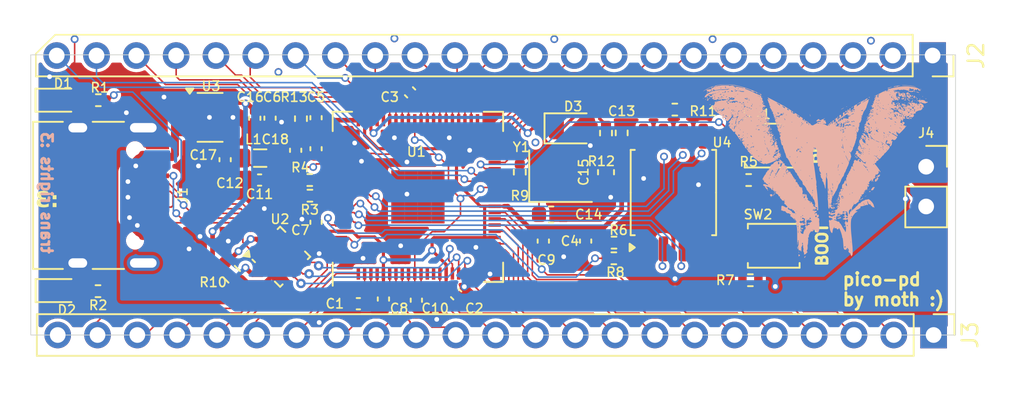
<source format=kicad_pcb>
(kicad_pcb (version 20240108) (generator "pcbnew") (generator_version "8.0")
  (layers (0 "F.Cu" signal) (31 "B.Cu" signal) (34 "B.Paste" user) (35 "F.Paste" user) (36 "B.SilkS" user "B.Silkscreen") (37 "F.SilkS" user "F.Silkscreen") (38 "B.Mask" user) (39 "F.Mask" user) (44 "Edge.Cuts" user))
  (net 0 "")
  (net 1 "3V3_C")
  (net 2 "GND")
  (net 3 "1V1_C")
  (net 4 "XIN")
  (net 5 "Net-(C15-Pad2)")
  (net 6 "Net-(U1-VREG_AVDD)")
  (net 7 "GPIO47_VBUS_ADC")
  (net 8 "VBUS")
  (net 9 "CC1")
  (net 10 "USB_P")
  (net 11 "SBU2")
  (net 12 "USB_N")
  (net 13 "CC2")
  (net 14 "SBU1")
  (net 15 "GPIO32")
  (net 16 "GPIO39")
  (net 17 "GPIO44_ADC4")
  (net 18 "GPIO43_ADC3")
  (net 19 "GPIO46_ADC6")
  (net 20 "GPIO37")
  (net 21 "GPIO36")
  (net 22 "GPIO40_ADC0")
  (net 23 "GPIO34")
  (net 24 "GPIO38")
  (net 25 "GPIO29")
  (net 26 "GPIO35")
  (net 27 "GPIO42_ADC2")
  (net 28 "GPIO41_ADC1")
  (net 29 "GPIO28")
  (net 30 "GPIO31")
  (net 31 "GPIO45_ADC5")
  (net 32 "GPIO30")
  (net 33 "GPIO33")
  (net 34 "GPIO15")
  (net 35 "GPIO22")
  (net 36 "GPIO2_PWR_LED")
  (net 37 "GPIO21")
  (net 38 "GPIO8")
  (net 39 "GPIO27")
  (net 40 "GPIO11")
  (net 41 "GPIO1_USR_LED")
  (net 42 "GPIO24")
  (net 43 "GPIO5")
  (net 44 "GPIO7")
  (net 45 "GPIO23")
  (net 46 "GPIO6")
  (net 47 "GPIO9")
  (net 48 "GPIO3")
  (net 49 "GPIO19")
  (net 50 "GPIO4")
  (net 51 "GPIO25")
  (net 52 "GPIO10")
  (net 53 "GPIO26")
  (net 54 "GPIO12")
  (net 55 "Net-(U1-VREG_LX)")
  (net 56 "Net-(U1-RUN)")
  (net 57 "Net-(U4-~{CS})")
  (net 58 "QSPI_CS")
  (net 59 "Net-(R7-Pad1)")
  (net 60 "GPIO0_CS")
  (net 61 "XOUT")
  (net 62 "VCONN")
  (net 63 "SWD")
  (net 64 "QSPI_SD0")
  (net 65 "SWCLK")
  (net 66 "QSPI_SCLK")
  (net 67 "UART0_RX")
  (net 68 "QSPI_SD1")
  (net 69 "QSPI_SD3")
  (net 70 "SDA_FUSB")
  (net 71 "INT_FUSB")
  (net 72 "UART0_TX")
  (net 74 "QSPI_SD2")
  (net 75 "SCL_FUSB")
  (net 77 "Net-(U1-USB_D+)")
  (net 78 "Net-(U1-USB_D-)")
  (net 79 "Net-(D1-A)")
  (net 80 "Net-(D2-A)")
  (net 81 "GPIO20")
  (footprint "Capacitor_SMD:C_0402_1005Metric" (layer "F.Cu") (at 123.9 67.6 -90)
    (property "Reference" "C4")
    (property "Value" "100n")
  )
  (footprint "Capacitor_SMD:C_0402_1005Metric" (layer "F.Cu") (at 113.1 71.375465 -90)
    (property "Reference" "C10")
    (property "Value" "100n")
  )
  (footprint "LED_SMD:LED_0603_1608Metric" (layer "F.Cu") (at 90.297991 70.761327)
    (property "Reference" "D2")
    (property "Value" "USR")
  )
  (footprint "Resistor_SMD:R_0402_1005Metric" (layer "F.Cu") (at 134.3 63.7)
    (property "Reference" "R5")
    (property "Value" "27r")
  )
  (footprint "Package_TO_SOT_SMD:SOT-23-5" (layer "F.Cu") (at 99.940047 59.697002)
    (property "Reference" "U3")
    (property "Value" "AP2112K-3.3")
  )
  (footprint "Package_DFN_QFN:WQFN-14-1EP_2.5x2.5mm_P0.5mm_EP1.45x1.45mm" (layer "F.Cu") (at 104.409117 68.6 45)
    (property "Reference" "U2")
    (property "Value" "FUSB302B01MPX")
  )
  (footprint "Capacitor_SMD:C_0402_1005Metric" (layer "F.Cu") (at 103.765189 59.74844 -90)
    (property "Reference" "C6")
    (property "Value" "100n")
  )
  (footprint "Connector_PinSocket_2.54mm:PinSocket_1x02_P2.54mm_Vertical" (layer "F.Cu") (at 145.625 62.85)
    (property "Reference" "J4")
    (property "Value" "Conn_01x02_Pin")
  )
  (footprint "Connector_PinHeader_2.54mm:PinHeader_1x23_P2.54mm_Vertical" (layer "F.Cu") (at 146.1 73.6 -90)
    (property "Reference" "J3")
    (property "Value" "GPIO_2")
  )
  (footprint "Capacitor_SMD:C_0603_1608Metric" (layer "F.Cu") (at 121.7 65.9 180)
    (property "Reference" "C14")
    (property "Value" "22pF")
  )
  (footprint "Capacitor_SMD:C_0402_1005Metric" (layer "F.Cu") (at 105.4 61.8 -90)
    (property "Reference" "C18")
    (property "Value" "4.7u")
  )
  (footprint "Connector_USB:USB_C_Receptacle_HRO_TYPE-C-31-M-12" (layer "F.Cu") (at 92.55 64.68 -90)
    (property "Reference" "J1")
    (property "Value" "USB_C_Receptacle")
  )
  (footprint "Capacitor_SMD:C_0402_1005Metric" (layer "F.Cu") (at 109.4 71.6 180)
    (property "Reference" "C1")
    (property "Value" "100n")
  )
  (footprint "Package_SO:SOIC-8_5.23x5.23mm_P1.27mm" (layer "F.Cu") (at 129.5 64.5 90)
    (property "Reference" "U4")
    (property "Value" "W25Q32JVSS")
  )
  (footprint "Resistor_SMD:R_0402_1005Metric" (layer "F.Cu") (at 105.738504 59.780049 -90)
    (property "Reference" "R13")
    (property "Value" "33r")
  )
  (footprint "Capacitor_SMD:C_0402_1005Metric" (layer "F.Cu") (at 111 71.3 -90)
    (property "Reference" "C8")
    (property "Value" "100n")
  )
  (footprint "Resistor_SMD:R_0402_1005Metric" (layer "F.Cu") (at 125.2 60.7 -90)
    (property "Reference" "R12")
    (property "Value" "1K")
  )
  (footprint "RP2350XB:QFN-80_EP_10.573x10.573_Pitch0.4mm" (layer "F.Cu") (at 113.2 64.775 90)
    (property "Reference" "U1")
    (property "Value" "~")
  )
  (footprint "LED_SMD:LED_0603_1608Metric" (layer "F.Cu") (at 90.287501 58.6)
    (property "Reference" "D1")
    (property "Value" "PWR")
  )
  (footprint "Capacitor_SMD:C_0402_1005Metric" (layer "F.Cu") (at 100.9 62.4 90)
    (property "Reference" "C17")
    (property "Value" "4.7u")
  )
  (footprint "Resistor_SMD:R_0402_1005Metric" (layer "F.Cu") (at 125.71 67.7 180)
    (property "Reference" "R6")
    (property "Value" "10k")
  )
  (footprint "Resistor_SMD:R_0402_1005Metric" (layer "F.Cu") (at 125.7 68.7)
    (property "Reference" "R8")
    (property "Value" "0r")
  )
  (footprint "Resistor_SMD:R_0402_1005Metric" (layer "F.Cu") (at 106.31 64.7)
    (property "Reference" "R3")
    (property "Value" "27r")
  )
  (footprint "Capacitor_SMD:C_0402_1005Metric" (layer "F.Cu") (at 106.7 61.7 -90)
    (property "Reference" "C11")
    (property "Value" "4.7u")
  )
  (footprint "Button_Switch_SMD:SW_SPST_B3U-1000P" (layer "F.Cu") (at 135.7 61.5 180)
    (property "Reference" "SW1")
    (property "Value" "RUN")
  )
  (footprint "Capacitor_SMD:C_0402_1005Metric" (layer "F.Cu") (at 115.639411 71 -45)
    (property "Reference" "C2")
    (property "Value" "100n")
  )
  (footprint "Capacitor_SMD:C_0402_1005Metric" (layer "F.Cu") (at 121.2 67.6 -90)
    (property "Reference" "C9")
    (property "Value" "100n")
  )
  (footprint "Capacitor_SMD:C_0402_1005Metric" (layer "F.Cu") (at 106.7 66.4 90)
    (property "Reference" "C7")
    (property "Value" "100n")
  )
  (footprint "Resistor_SMD:R_0402_1005Metric" (layer "F.Cu") (at 129.590001 59.2)
    (property "Reference" "R11")
    (property "Value" "10K")
  )
  (footprint "Capacitor_SMD:C_0603_1608Metric" (layer "F.Cu") (at 125.2 63.2 90)
    (property "Reference" "C15")
    (property "Value" "22pF")
  )
  (footprint "Resistor_SMD:R_0402_1005Metric" (layer "F.Cu") (at 92.79 70.8)
    (property "Reference" "R2")
    (property "Value" "1.5k")
  )
  (footprint "Resistor_SMD:R_0402_1005Metric" (layer "F.Cu") (at 126.2 60.690001 90)
    (property "Reference" "C13")
    (property "Value" "100n")
  )
  (footprint "Resistor_SMD:R_0402_1005Metric" (layer "F.Cu") (at 106.3 63.7)
    (property "Reference" "R4")
    (property "Value" "27r")
  )
  (footprint "Capacitor_SMD:C_0402_1005Metric" (layer "F.Cu") (at 103.1 63.7 180)
    (property "Reference" "C12")
    (property "Value" "100n")
  )
  (footprint "Inductor_SMD:L_0805_2012Metric" (layer "F.Cu") (at 103.1375 62.3 180)
    (property "Reference" "L1")
    (property "Value" "3.3u")
  )
  (footprint "Resistor_SMD:R_0603_1608Metric" (layer "F.Cu") (at 101.316637 69.716637 135)
    (property "Reference" "R10")
    (property "Value" "0R")
  )
  (footprint "Resistor_SMD:R_0402_1005Metric" (layer "F.Cu") (at 119.7 63.2 90)
    (property "Reference" "R9")
    (property "Value" "1K")
  )
  (footprint "Capacitor_SMD:C_0402_1005Metric" (layer "F.Cu") (at 112.7 58.1 135)
    (property "Reference" "C3")
    (property "Value" "100n")
  )
  (footprint "Capacitor_SMD:C_0402_1005Metric" (layer "F.Cu") (at 102.790472 59.754081 -90)
    (property "Reference" "C16")
    (property "Value" "4.7u")
  )
  (footprint "Button_Switch_SMD:SW_SPST_B3U-1000P" (layer "F.Cu") (at 135.9 67.9)
    (property "Reference" "SW2")
    (property "Value" "USB_BOOT")
  )
  (footprint "header:PinSocket_1x23_P2.54mm_Vertical" (layer "F.Cu") (at 146.036349 55.748043 -90)
    (property "Reference" "J2")
    (property "Value" "GPIO_1")
  )
  (footprint "Resistor_SMD:R_0402_1005Metric" (layer "F.Cu") (at 92.81 58.6)
    (property "Reference" "R1")
    (property "Value" "1.5k")
  )
  (footprint "Resistor_SMD:R_0402_1005Metric" (layer "F.Cu") (at 134.409999 70.1 180)
    (property "Reference" "R7")
    (property "Value" "1k")
  )
  (footprint "Crystal:Crystal_SMD_3225-4Pin_3.2x2.5mm" (layer "F.Cu") (at 122.3 63.45)
    (property "Reference" "Y1")
    (property "Value" "12MHz")
  )
  (footprint "Diode_SMD:D_0805_2012Metric" (layer "F.Cu") (at 122.962499 60.4)
    (property "Reference" "D3")
    (property "Value" "3V6")
  )
  (footprint "Capacitor_SMD:C_0402_1005Metric" (layer "F.Cu") (at 106.7 59.72 -90)
    (property "Reference" "C5")
    (property "Value" "100n")
  )
  (gr_poly (pts (xy 132.080299 58.590298) (xy 132.08181 58.590341) (xy 132.083259 58.590417) (xy 132.084645 58.590525) (xy 132.085966 58.590664) (xy 132.087221 58.590833) (xy 132.088407 58.591031) (xy 132.089525 58.591254) (xy 132.090572 58.591505) (xy 132.091547 58.591781) (xy 132.092446 58.592079) (xy 132.093271 58.592399) (xy 132.094018 58.59274) (xy 132.094685 58.5931) (xy 132.09527 58.593478) (xy 132.095775 58.593874) (xy 132.096195 58.594284) (xy 132.096531 58.594709) (xy 132.096777 58.595146) (xy 132.096867 58.59537) (xy 132.096936 58.595595) (xy 132.096982 58.595825) (xy 132.097004 58.596056) (xy 132.097004 58.596288) (xy 132.096981 58.596525) (xy 132.096934 58.596761) (xy 132.096864 58.597001) (xy 132.096769 58.597242) (xy 132.096651 58.597484) (xy 132.096341 58.597972) (xy 132.095932 58.598463) (xy 132.095425 58.598958) (xy 132.094815 58.599454) (xy 132.093701 58.600404) (xy 132.092361 58.601266) (xy 132.090815 58.602036) (xy 132.089082 58.602707) (xy 132.087184 58.603274) (xy 132.085141 58.603733) (xy 132.082974 58.604079) (xy 132.080703 58.604305) (xy 132.078349 58.604407) (xy 132.075935 58.60438) (xy 132.073479 58.60422) (xy 132.071002 58.603919) (xy 132.068525 58.603475) (xy 132.066069 58.60288) (xy 132.063654 58.602129) (xy 132.061301 58.601219) (xy 132.058881 58.600228) (xy 132.056908 58.599245) (xy 132.056087 58.598758) (xy 132.055375 58.598277) (xy 132.05477 58.597801) (xy 132.054273 58.597332) (xy 132.053881 58.59687) (xy 132.053594 58.596419) (xy 132.053412 58.595976) (xy 132.053332 58.595544) (xy 132.053355 58.595124) (xy 132.053478 58.594716) (xy 132.053702 58.594321) (xy 132.054024 58.593941) (xy 132.054446 58.593577) (xy 132.054964 58.59323) (xy 132.055578 58.592899) (xy 132.056288 58.592588) (xy 132.057989 58.592024) (xy 132.06006 58.591544) (xy 132.062492 58.591158) (xy 132.06528 58.590872) (xy 132.068412 58.590694) (xy 132.071884 58.590635) (xy 132.073677 58.590489) (xy 132.075416 58.590385) (xy 132.077101 58.590319) (xy 132.078728 58.590289)) (stroke (width -0.000001)) (fill solid) (layer "B.SilkS"))
  (gr_poly (pts (xy 135.911456 64.598578) (xy 135.913422 64.598831) (xy 135.915459 64.599276) (xy 135.917572 64.599901) (xy 135.91977 64.600704) (xy 135.922056 64.601672) (xy 135.924437 64.602798) (xy 135.926919 64.604077) (xy 135.929508 64.605497) (xy 135.933354 64.607465) (xy 135.936951 64.609399) (xy 135.940302 64.611296) (xy 135.943407 64.613152) (xy 135.946266 64.614964) (xy 135.948879 64.616728) (xy 135.95125 64.618443) (xy 135.953377 64.620103) (xy 135.95526 64.621708) (xy 135.956901 64.623251) (xy 135.958302 64.624731) (xy 135.959461 64.626147) (xy 135.960379 64.627491) (xy 135.961058 64.628762) (xy 135.961498 64.629957) (xy 135.9617 64.631073) (xy 135.961664 64.632106) (xy 135.961391 64.633053) (xy 135.960881 64.633911) (xy 135.960136 64.634676) (xy 135.959155 64.635346) (xy 135.95794 64.635916) (xy 135.956491 64.636385) (xy 135.954809 64.636749) (xy 135.952894 64.637005) (xy 135.950749 64.637149) (xy 135.948371 64.637177) (xy 135.945762 64.637087) (xy 135.942925 64.636875) (xy 135.939857 64.636539) (xy 135.936561 64.636076) (xy 135.933037 64.635482) (xy 135.931398 64.635182) (xy 135.929794 64.634942) (xy 135.928223 64.634761) (xy 135.926688 64.634638) (xy 135.92519 64.634569) (xy 135.923731 64.634556) (xy 135.922313 64.634594) (xy 135.920937 64.634683) (xy 135.919606 64.63482) (xy 135.91832 64.635006) (xy 135.917081 64.635238) (xy 135.915891 64.635513) (xy 135.91475 64.635831) (xy 135.913663 64.636191) (xy 135.912629 64.636589) (xy 135.91165 64.637026) (xy 135.910727 64.637498) (xy 135.909864 64.638006) (xy 135.909059 64.638545) (xy 135.908318 64.639117) (xy 135.90764 64.639718) (xy 135.907026 64.640346) (xy 135.906478 64.641003) (xy 135.906 64.641684) (xy 135.90559 64.642388) (xy 135.905252 64.643113) (xy 135.904988 64.643858) (xy 135.904797 64.644622) (xy 135.904683 64.645403) (xy 135.904646 64.646198) (xy 135.90469 64.647008) (xy 135.904815 64.647828) (xy 135.904962 64.650015) (xy 135.904755 64.652579) (xy 135.904214 64.655492) (xy 135.903354 64.658716) (xy 135.902193 64.662219) (xy 135.900752 64.665968) (xy 135.899048 64.669929) (xy 135.897098 64.674067) (xy 135.89492 64.678351) (xy 135.892533 64.682746) (xy 135.889955 64.687218) (xy 135.887203 64.691733) (xy 135.884297 64.696261) (xy 135.881254 64.700764) (xy 135.878091 64.705209) (xy 135.874828 64.709566) (xy 135.863821 64.72396) (xy 135.855893 64.733764) (xy 135.853066 64.736804) (xy 135.850985 64.738525) (xy 135.850222 64.738874) (xy 135.849643 64.738872) (xy 135.849246 64.738512) (xy 135.849031 64.737788) (xy 135.849143 64.735215) (xy 135.849972 64.731097) (xy 135.851507 64.725377) (xy 135.853745 64.717999) (xy 135.860287 64.698038) (xy 135.869537 64.67076) (xy 135.873679 64.657644) (xy 135.87754 64.646035) (xy 135.881168 64.635867) (xy 135.88291 64.631303) (xy 135.884613 64.627076) (xy 135.886281 64.623177) (xy 135.887923 64.619598) (xy 135.889542 64.61633) (xy 135.891148 64.613368) (xy 135.892744 64.6107) (xy 135.894337 64.608321) (xy 135.895933 64.606222) (xy 135.897538 64.604394) (xy 135.89916 64.602829) (xy 135.900802 64.601519) (xy 135.902473 64.600458) (xy 135.904177 64.599636) (xy 135.905922 64.599045) (xy 135.907712 64.598677) (xy 135.909554 64.598524)) (stroke (width -0.000001)) (fill solid) (layer "B.SilkS"))
  (gr_poly (pts (xy 140.547273 59.270358) (xy 140.549412 59.270695) (xy 140.551339 59.271276) (xy 140.553049 59.2721) (xy 140.554536 59.273164) (xy 140.555796 59.274467) (xy 140.556823 59.276005) (xy 140.557613 59.277779) (xy 140.55816 59.279783) (xy 140.558459 59.282017) (xy 140.558505 59.284477) (xy 140.558291 59.287163) (xy 140.557815 59.29007) (xy 140.557071 59.293199) (xy 140.556051 59.296545) (xy 140.554754 59.300108) (xy 140.553172 59.303883) (xy 140.5513 59.30787) (xy 140.549134 59.312066) (xy 140.547212 59.315742) (xy 140.545416 59.319478) (xy 140.54375 59.323258) (xy 140.542216 59.327059) (xy 140.540816 59.330858) (xy 140.539553 59.334638) (xy 140.53843 59.338376) (xy 140.537449 59.342051) (xy 140.536611 59.345645) (xy 140.535921 59.349134) (xy 140.535383 59.352501) (xy 140.534996 59.355722) (xy 140.534762 59.358778) (xy 140.534689 59.361647) (xy 140.534774 59.36431) (xy 140.535023 59.366746) (xy 140.535711 59.370099) (xy 140.536133 59.373218) (xy 140.536298 59.376098) (xy 140.536218 59.378746) (xy 140.535904 59.381159) (xy 140.535368 59.383338) (xy 140.53462 59.385287) (xy 140.533672 59.387004) (xy 140.532536 59.388491) (xy 140.531223 59.389749) (xy 140.529743 59.390779) (xy 140.528109 59.391582) (xy 140.526331 59.392159) (xy 140.52442 59.39251) (xy 140.522391 59.392638) (xy 140.520251 59.392544) (xy 140.518012 59.392226) (xy 140.515687 59.391687) (xy 140.513285 59.390927) (xy 140.51082 59.389949) (xy 140.508303 59.388753) (xy 140.505744 59.387338) (xy 140.503154 59.385708) (xy 140.500545 59.383862) (xy 140.497928 59.381801) (xy 140.495314 59.379526) (xy 140.492716 59.37704) (xy 140.490144 59.374343) (xy 140.487608 59.371434) (xy 140.485123 59.368316) (xy 140.482697 59.364989) (xy 140.480343 59.361454) (xy 140.476645 59.355469) (xy 140.473504 59.350034) (xy 140.472147 59.347501) (xy 140.470935 59.345078) (xy 140.469873 59.34276) (xy 140.46896 59.340535) (xy 140.468198 59.338395) (xy 140.467594 59.336333) (xy 140.467145 59.334337) (xy 140.466855 59.332401) (xy 140.466727 59.330515) (xy 140.466761 59.328671) (xy 140.466964 59.32686) (xy 140.467333 59.325074) (xy 140.467874 59.323303) (xy 140.468586 59.321537) (xy 140.469476 59.319772) (xy 140.47054 59.317995) (xy 140.471785 59.316197) (xy 140.473213 59.314373) (xy 140.474824 59.312512) (xy 140.476622 59.310605) (xy 140.478608 59.308644) (xy 140.480785 59.306619) (xy 140.485721 59.302347) (xy 140.491446 59.297718) (xy 140.497982 59.292663) (xy 140.502544 59.289329) (xy 140.506967 59.286272) (xy 140.511245 59.28349) (xy 140.515373 59.28098) (xy 140.519345 59.27874) (xy 140.523159 59.276768) (xy 140.526806 59.275062) (xy 140.530282 59.273617) (xy 140.533584 59.272436) (xy 140.536705 59.271512) (xy 140.539639 59.270845) (xy 140.542382 59.270432) (xy 140.544928 59.270269)) (stroke (width -0.000001)) (fill solid) (layer "B.SilkS"))
  (gr_poly (pts (xy 144.746792 58.282798) (xy 144.747812 58.282894) (xy 144.74884 58.283065) (xy 144.749873 58.283312) (xy 144.750911 58.283633) (xy 144.751949 58.284029) (xy 144.752988 58.284499) (xy 144.754025 58.28504) (xy 144.755054 58.285656) (xy 144.756078 58.286343) (xy 144.757092 58.2871) (xy 144.758093 58.287928) (xy 144.75908 58.288826) (xy 144.760051 58.289792) (xy 144.761002 58.29083) (xy 144.761934 58.291931) (xy 144.762842 58.293102) (xy 144.763723 58.294338) (xy 144.764578 58.295641) (xy 144.765403 58.29701) (xy 144.766195 58.298442) (xy 144.766953 58.299938) (xy 144.767673 58.301498) (xy 144.768356 58.303122) (xy 144.771722 58.311895) (xy 144.774536 58.319726) (xy 144.776782 58.32667) (xy 144.777686 58.329824) (xy 144.778443 58.332777) (xy 144.779049 58.335531) (xy 144.779505 58.338097) (xy 144.779807 58.34048) (xy 144.779953 58.342685) (xy 144.77994 58.344719) (xy 144.779769 58.34659) (xy 144.779436 58.348303) (xy 144.77894 58.349864) (xy 144.778278 58.351281) (xy 144.777449 58.35256) (xy 144.776451 58.353707) (xy 144.77528 58.354729) (xy 144.773939 58.355632) (xy 144.772421 58.356421) (xy 144.770727 58.357107) (xy 144.768853 58.357691) (xy 144.766799 58.358184) (xy 144.764561 58.358589) (xy 144.762139 58.358915) (xy 144.759531 58.359167) (xy 144.753745 58.359475) (xy 144.74719 58.359565) (xy 144.74365 58.359424) (xy 144.740309 58.359006) (xy 144.737164 58.358324) (xy 144.734223 58.357396) (xy 144.731481 58.356232) (xy 144.728943 58.354845) (xy 144.726609 58.353252) (xy 144.72448 58.351463) (xy 144.722558 58.349494) (xy 144.720843 58.347358) (xy 144.719338 58.345067) (xy 144.718044 58.342636) (xy 144.716962 58.34008) (xy 144.716093 58.33741) (xy 144.715438 58.33464) (xy 144.714999 58.331785) (xy 144.714777 58.328856) (xy 144.714773 58.325871) (xy 144.714989 58.322839) (xy 144.715425 58.319775) (xy 144.716085 58.316694) (xy 144.716968 58.313608) (xy 144.718075 58.310531) (xy 144.719409 58.307476) (xy 144.720969 58.304458) (xy 144.722759 58.30149) (xy 144.724778 58.298584) (xy 144.727029 58.295756) (xy 144.729512 58.293018) (xy 144.73223 58.290384) (xy 144.735182 58.287867) (xy 144.738371 58.285483) (xy 144.739213 58.284862) (xy 144.740083 58.284324) (xy 144.74098 58.283867) (xy 144.741901 58.28349) (xy 144.742845 58.283195) (xy 144.743808 58.282979) (xy 144.744789 58.282841) (xy 144.745784 58.282781)) (stroke (width -0.000001)) (fill solid) (layer "B.SilkS"))
  (gr_poly (pts (xy 144.905155 58.61514) (xy 144.906422 58.615232) (xy 144.907724 58.615388) (xy 144.909064 58.615604) (xy 144.910437 58.615884) (xy 144.911846 58.616225) (xy 144.914759 58.617093) (xy 144.924847 58.622054) (xy 144.929331 58.624287) (xy 144.931381 58.625341) (xy 144.933279 58.626354) (xy 144.935014 58.627326) (xy 144.936567 58.628256) (xy 144.937923 58.629145) (xy 144.939068 58.629992) (xy 144.939555 58.6304) (xy 144.939985 58.630798) (xy 144.940354 58.631185) (xy 144.94066 58.631562) (xy 144.9409 58.631929) (xy 144.941076 58.632286) (xy 144.941182 58.632633) (xy 144.941218 58.632969) (xy 144.941182 58.633305) (xy 144.941076 58.633651) (xy 144.94066 58.634374) (xy 144.939985 58.635139) (xy 144.939067 58.635944) (xy 144.937923 58.636793) (xy 144.936567 58.637682) (xy 144.935014 58.638612) (xy 144.93328 58.639583) (xy 144.929332 58.64165) (xy 144.924847 58.643882) (xy 144.914759 58.648843) (xy 144.913286 58.649307) (xy 144.911845 58.649711) (xy 144.910437 58.650052) (xy 144.909064 58.650332) (xy 144.907725 58.650549) (xy 144.906422 58.650704) (xy 144.905156 58.650797) (xy 144.903927 58.650827) (xy 144.902738 58.650797) (xy 144.901588 58.650704) (xy 144.900479 58.650549) (xy 144.89941 58.650332) (xy 144.898386 58.650052) (xy 144.897405 58.649712) (xy 144.896468 58.649309) (xy 144.895577 58.648843) (xy 144.894731 58.648316) (xy 144.893934 58.647727) (xy 144.893185 58.647076) (xy 144.892485 58.646363) (xy 144.891836 58.645588) (xy 144.89124 58.644751) (xy 144.890694 58.643852) (xy 144.890201 58.64289) (xy 144.889764 58.641866) (xy 144.889382 58.640782) (xy 144.889055 58.639635) (xy 144.888786 58.638426) (xy 144.888574 58.637153) (xy 144.888423 58.635821) (xy 144.88833 58.634425) (xy 144.888299 58.632969) (xy 144.88833 58.631511) (xy 144.888423 58.630116) (xy 144.888575 58.628783) (xy 144.888786 58.627511) (xy 144.889055 58.626302) (xy 144.889382 58.625155) (xy 144.889764 58.62407) (xy 144.890201 58.623047) (xy 144.890694 58.622085) (xy 144.89124 58.621186) (xy 144.891837 58.620349) (xy 144.892486 58.619574) (xy 144.893185 58.618861) (xy 144.893935 58.61821) (xy 144.894732 58.617621) (xy 144.895577 58.617093) (xy 144.896468 58.616628) (xy 144.897405 58.616225) (xy 144.898386 58.615884) (xy 144.899411 58.615605) (xy 144.900479 58.615388) (xy 144.901587 58.615232) (xy 144.902738 58.615141) (xy 144.903928 58.615109)) (stroke (width -0.000001)) (fill solid) (layer "B.SilkS"))
  (gr_poly (pts (xy 137.935216 68.556638) (xy 137.935381 68.55673) (xy 137.935709 68.557089) (xy 137.93603 68.557676) (xy 137.936346 68.558482) (xy 137.93665 68.559493) (xy 137.936942 68.5607) (xy 137.937476 68.563663) (xy 137.937927 68.567287) (xy 137.938275 68.57149) (xy 137.938498 68.576188) (xy 137.938577 68.581301) (xy 137.938542 68.58262) (xy 137.938436 68.583925) (xy 137.938261 68.585216) (xy 137.93802 68.586491) (xy 137.937714 68.587748) (xy 137.937346 68.588983) (xy 137.936916 68.590198) (xy 137.936427 68.59139) (xy 137.935884 68.592555) (xy 137.935284 68.593691) (xy 137.93463 68.594799) (xy 137.933927 68.595874) (xy 137.933174 68.596917) (xy 137.932375 68.597924) (xy 137.931529 68.598894) (xy 137.93064 68.599823) (xy 137.929711 68.600712) (xy 137.928742 68.601557) (xy 137.927735 68.602356) (xy 137.926692 68.603109) (xy 137.925617 68.603814) (xy 137.92451 68.604467) (xy 137.923372 68.605067) (xy 137.922206 68.60561) (xy 137.921016 68.606098) (xy 137.919802 68.606529) (xy 137.918565 68.606897) (xy 137.917309 68.607203) (xy 137.916034 68.607444) (xy 137.914743 68.607619) (xy 137.913438 68.607725) (xy 137.91212 68.607761) (xy 137.910817 68.607792) (xy 137.909558 68.607883) (xy 137.908342 68.608034) (xy 137.90717 68.608243) (xy 137.906041 68.608509) (xy 137.904962 68.608831) (xy 137.903928 68.609205) (xy 137.902941 68.609635) (xy 137.902006 68.610115) (xy 137.90112 68.610646) (xy 137.900284 68.611226) (xy 137.899501 68.611853) (xy 137.898769 68.612527) (xy 137.898093 68.613246) (xy 137.897471 68.614009) (xy 137.896907 68.614816) (xy 137.896398 68.615663) (xy 137.895947 68.616551) (xy 137.895555 68.617476) (xy 137.895222 68.61844) (xy 137.89495 68.619439) (xy 137.89474 68.620475) (xy 137.894593 68.621543) (xy 137.894508 68.622643) (xy 137.89449 68.623775) (xy 137.894536 68.624936) (xy 137.894648 68.626126) (xy 137.894829 68.627343) (xy 137.895078 68.628586) (xy 137.895396 68.629853) (xy 137.895785 68.631143) (xy 137.896245 68.632456) (xy 137.8967 68.633623) (xy 137.897074 68.634809) (xy 137.897368 68.63601) (xy 137.897585 68.637224) (xy 137.897726 68.638448) (xy 137.897791 68.63968) (xy 137.897784 68.640917) (xy 137.897706 68.642157) (xy 137.897557 68.643395) (xy 137.89734 68.644633) (xy 137.897058 68.645866) (xy 137.89671 68.647089) (xy 137.896299 68.648303) (xy 137.895826 68.649505) (xy 137.895293 68.65069) (xy 137.894701 68.651857) (xy 137.894052 68.653005) (xy 137.893349 68.654129) (xy 137.892593 68.655225) (xy 137.891783 68.656294) (xy 137.890924 68.657334) (xy 137.890016 68.658338) (xy 137.88906 68.659307) (xy 137.88806 68.660237) (xy 137.887014 68.661125) (xy 137.885928 68.66197) (xy 137.8848 68.662768) (xy 137.883632 68.663517) (xy 137.882427 68.664213) (xy 137.881188 68.664857) (xy 137.879914 68.665444) (xy 137.878607 68.66597) (xy 137.874472 68.667339) (xy 137.870663 68.668158) (xy 137.86718 68.668456) (xy 137.864015 68.668261) (xy 137.861168 68.667602) (xy 137.858635 68.666508) (xy 137.856409 68.665007) (xy 137.85449 68.663131) (xy 137.852874 68.660904) (xy 137.851555 68.658358) (xy 137.850533 68.655519) (xy 137.849802 68.652419) (xy 137.849359 68.649085) (xy 137.8492 68.645546) (xy 137.849322 68.64183) (xy 137.849722 68.637967) (xy 137.850396 68.633985) (xy 137.85134 68.629913) (xy 137.85255 68.625778) (xy 137.854025 68.621613) (xy 137.855758 68.617442) (xy 137.857749 68.613297) (xy 137.859992 68.609206) (xy 137.862483 68.605197) (xy 137.86522 68.601299) (xy 137.868199 68.597541) (xy 137.871416 68.593951) (xy 137.874869 68.590559) (xy 137.878552 68.587393) (xy 137.882463 68.584482) (xy 137.886597 68.581854) (xy 137.890954 68.579539) (xy 137.898781 68.57508) (xy 137.906277 68.570993) (xy 137.913278 68.567321) (xy 137.919616 68.564103) (xy 137.925129 68.561382) (xy 137.929649 68.559198) (xy 137.93505 68.556608)) (stroke (width -0.000001)) (fill solid) (layer "B.SilkS"))
  (gr_poly (pts (xy 137.658941 66.70278) (xy 137.659752 66.702843) (xy 137.660549 66.702944) (xy 137.661334 66.703084) (xy 137.662104 66.703263) (xy 137.66286 66.703482) (xy 137.663598 66.703736) (xy 137.66432 66.704028) (xy 137.665025 66.704357) (xy 137.66571 66.70472) (xy 137.666375 66.705119) (xy 137.667019 66.705551) (xy 137.667641 66.706018) (xy 137.668239 66.706517) (xy 137.668815 66.707048) (xy 137.669365 66.707611) (xy 137.669889 66.708206) (xy 137.670387 66.70883) (xy 137.670857 66.709485) (xy 137.671297 66.710168) (xy 137.671709 66.71088) (xy 137.672089 66.711619) (xy 137.672439 66.712386) (xy 137.672755 66.713179) (xy 137.673038 66.713998) (xy 137.673286 66.714842) (xy 137.673499 66.715711) (xy 137.673675 66.716602) (xy 137.673813 66.717519) (xy 137.673914 66.718458) (xy 137.673975 66.719418) (xy 137.673995 66.7204) (xy 137.673958 66.721226) (xy 137.673853 66.722051) (xy 137.673676 66.722873) (xy 137.673434 66.72369) (xy 137.673125 66.7245) (xy 137.672751 66.725302) (xy 137.672315 66.726095) (xy 137.671817 66.726876) (xy 137.670647 66.728398) (xy 137.669251 66.729856) (xy 137.667644 66.731236) (xy 137.665836 66.732526) (xy 137.663845 66.733711) (xy 137.661679 66.734782) (xy 137.659352 66.735722) (xy 137.65688 66.736521) (xy 137.654272 66.737166) (xy 137.651543 66.737641) (xy 137.648705 66.737936) (xy 137.645773 66.738038) (xy 137.644471 66.738012) (xy 137.643211 66.737936) (xy 137.641994 66.737812) (xy 137.640822 66.737641) (xy 137.639695 66.737424) (xy 137.638614 66.737166) (xy 137.637581 66.736864) (xy 137.636595 66.736522) (xy 137.635659 66.736141) (xy 137.634772 66.735723) (xy 137.633937 66.73527) (xy 137.633153 66.734782) (xy 137.632423 66.734262) (xy 137.631747 66.733712) (xy 137.631125 66.733133) (xy 137.63056 66.732526) (xy 137.63005 66.731893) (xy 137.6296 66.731236) (xy 137.629207 66.730556) (xy 137.628875 66.729856) (xy 137.628603 66.729136) (xy 137.628393 66.728398) (xy 137.628245 66.727644) (xy 137.628162 66.726876) (xy 137.628143 66.726094) (xy 137.628189 66.725302) (xy 137.628302 66.7245) (xy 137.628481 66.72369) (xy 137.628731 66.722873) (xy 137.629049 66.72205) (xy 137.629437 66.721225) (xy 137.629898 66.720399) (xy 137.630971 66.718458) (xy 137.632196 66.716602) (xy 137.633561 66.714842) (xy 137.635052 66.713179) (xy 137.636657 66.711619) (xy 137.638363 66.710168) (xy 137.640156 66.70883) (xy 137.642025 66.707612) (xy 137.643954 66.706517) (xy 137.645934 66.705551) (xy 137.647951 66.704719) (xy 137.649989 66.704028) (xy 137.652039 66.703482) (xy 137.654086 66.703084) (xy 137.656117 66.702843) (xy 137.65812 66.702761)) (stroke (width -0.000001)) (fill solid) (layer "B.SilkS"))
  (gr_poly (pts (xy 137.494942 68.444709) (xy 137.497175 68.445356) (xy 137.499743 68.44641) (xy 137.502616 68.447843) (xy 137.509154 68.451739) (xy 137.516549 68.456824) (xy 137.524564 68.462877) (xy 137.532955 68.46968) (xy 137.541483 68.477012) (xy 137.549906 68.484653) (xy 137.557988 68.492386) (xy 137.565485 68.499991) (xy 137.572158 68.507246) (xy 137.577766 68.513932) (xy 137.582069 68.519831) (xy 137.583657 68.522416) (xy 137.584827 68.524722) (xy 137.585552 68.52672) (xy 137.5858 68.528385) (xy 137.585764 68.528876) (xy 137.585658 68.529356) (xy 137.585483 68.529826) (xy 137.585242 68.530284) (xy 137.584936 68.53073) (xy 137.584568 68.531164) (xy 137.583651 68.531996) (xy 137.582505 68.532776) (xy 137.58115 68.533502) (xy 137.579596 68.53417) (xy 137.577862 68.53478) (xy 137.575963 68.535327) (xy 137.573915 68.53581) (xy 137.571732 68.536225) (xy 137.56943 68.536571) (xy 137.567024 68.536844) (xy 137.564531 68.537042) (xy 137.561965 68.537164) (xy 137.559342 68.537205) (xy 137.557853 68.53724) (xy 137.556368 68.537346) (xy 137.554886 68.53752) (xy 137.55341 68.537763) (xy 137.551941 68.538068) (xy 137.550482 68.538437) (xy 137.549034 68.538865) (xy 137.5476 68.539354) (xy 137.546183 68.539899) (xy 137.544782 68.540499) (xy 137.543401 68.541152) (xy 137.542041 68.541856) (xy 137.540703 68.542608) (xy 137.539393 68.543408) (xy 137.536852 68.545141) (xy 137.534436 68.547041) (xy 137.532161 68.54909) (xy 137.530039 68.551274) (xy 137.528089 68.553576) (xy 137.527181 68.554767) (xy 137.526324 68.555981) (xy 137.525516 68.557218) (xy 137.524761 68.558475) (xy 137.524059 68.55975) (xy 137.523414 68.561041) (xy 137.522828 68.562346) (xy 137.522301 68.563663) (xy 137.520938 68.566225) (xy 137.5195 68.568614) (xy 137.518755 68.569741) (xy 137.517995 68.570822) (xy 137.517219 68.571855) (xy 137.51643 68.572841) (xy 137.515628 68.573777) (xy 137.514813 68.574664) (xy 137.513989 68.575498) (xy 137.513154 68.576282) (xy 137.51231 68.577013) (xy 137.511457 68.577689) (xy 137.510598 68.578311) (xy 137.509733 68.578876) (xy 137.508862 68.579385) (xy 137.507988 68.579836) (xy 137.507109 68.580229) (xy 137.506229 68.580561) (xy 137.505348 68.580833) (xy 137.504466 68.581043) (xy 137.503584 68.58119) (xy 137.502705 68.581274) (xy 137.501827 68.581293) (xy 137.500954 68.581247) (xy 137.500084 68.581134) (xy 137.499222 68.580954) (xy 137.498365 68.580705) (xy 137.497515 68.580387) (xy 137.496674 68.579998) (xy 137.495842 68.579539) (xy 137.49423 68.578268) (xy 137.492701 68.576464) (xy 137.491257 68.57416) (xy 137.489898 68.571391) (xy 137.487443 68.564597) (xy 137.485341 68.55636) (xy 137.4836 68.546954) (xy 137.48223 68.536658) (xy 137.481237 68.525746) (xy 137.480629 68.514495) (xy 137.480413 68.503182) (xy 137.480598 68.492085) (xy 137.481191 68.481478) (xy 137.482199 68.471638) (xy 137.483631 68.462842) (xy 137.485497 68.455366) (xy 137.486593 68.452211) (xy 137.4878 68.449488) (xy 137.489118 68.447235) (xy 137.49055 68.445484) (xy 137.4916 68.444745) (xy 137.493073 68.444495)) (stroke (width -0.000001)) (fill solid) (layer "B.SilkS"))
  (gr_poly (pts (xy 135.98011 61.042151) (xy 135.981748 61.042227) (xy 135.983264 61.042352) (xy 135.984658 61.042524) (xy 135.985931 61.042745) (xy 135.987082 61.043016) (xy 135.988112 61.043337) (xy 135.989023 61.043712) (xy 135.989812 61.044139) (xy 135.990483 61.044619) (xy 135.991034 61.045156) (xy 135.991466 61.045748) (xy 135.991778 61.046397) (xy 135.991973 61.047103) (xy 135.992049 61.047869) (xy 135.992007 61.048694) (xy 135.991847 61.04958) (xy 135.99157 61.050527) (xy 135.991176 61.051536) (xy 135.990666 61.05261) (xy 135.990039 61.053749) (xy 135.989297 61.054952) (xy 135.988439 61.056223) (xy 135.987466 61.057561) (xy 135.986378 61.058967) (xy 135.985174 61.060444) (xy 135.982426 61.063608) (xy 135.980525 61.066292) (xy 135.978795 61.069039) (xy 135.97724 61.071836) (xy 135.975865 61.074659) (xy 135.974679 61.077493) (xy 135.973682 61.080318) (xy 135.972881 61.083119) (xy 135.972282 61.085876) (xy 135.971892 61.088571) (xy 135.971712 61.091185) (xy 135.971703 61.092457) (xy 135.971749 61.093702) (xy 135.97185 61.094917) (xy 135.972007 61.0961) (xy 135.972222 61.097251) (xy 135.972494 61.098367) (xy 135.972825 61.099444) (xy 135.973214 61.100479) (xy 135.973662 61.101474) (xy 135.97417 61.102423) (xy 135.97474 61.103325) (xy 135.97537 61.104177) (xy 135.976569 61.105707) (xy 135.97752 61.106988) (xy 135.978222 61.108021) (xy 135.978677 61.108806) (xy 135.978812 61.109107) (xy 135.978883 61.109344) (xy 135.978894 61.10952) (xy 135.978842 61.109634) (xy 135.978729 61.109686) (xy 135.978552 61.109675) (xy 135.978316 61.109603) (xy 135.978016 61.109469) (xy 135.977229 61.109013) (xy 135.976197 61.108311) (xy 135.974915 61.10736) (xy 135.973386 61.106161) (xy 135.969581 61.103019) (xy 135.964787 61.098885) (xy 135.962353 61.096964) (xy 135.959702 61.095175) (xy 135.956865 61.093525) (xy 135.953872 61.092022) (xy 135.950756 61.090675) (xy 135.947547 61.089491) (xy 135.944276 61.088476) (xy 135.940974 61.087641) (xy 135.937672 61.086991) (xy 135.934401 61.086535) (xy 135.931192 61.086279) (xy 135.928076 61.086235) (xy 135.925084 61.086407) (xy 135.922247 61.086804) (xy 135.919596 61.087433) (xy 135.91835 61.087837) (xy 135.917161 61.088302) (xy 135.915849 61.088773) (xy 135.914559 61.089192) (xy 135.913291 61.08956) (xy 135.912049 61.089877) (xy 135.910832 61.090144) (xy 135.909643 61.09036) (xy 135.908482 61.090527) (xy 135.90735 61.090645) (xy 135.90625 61.090714) (xy 135.905181 61.090733) (xy 135.904147 61.090705) (xy 135.903147 61.090628) (xy 135.902184 61.090503) (xy 135.901257 61.090331) (xy 135.90037 61.090112) (xy 135.899523 61.089846) (xy 135.898716 61.089533) (xy 135.897954 61.089174) (xy 135.897234 61.08877) (xy 135.89656 61.088319) (xy 135.895932 61.087824) (xy 135.895353 61.087283) (xy 135.894822 61.086699) (xy 135.894341 61.086069) (xy 135.893913 61.085397) (xy 135.893537 61.08468) (xy 135.893215 61.08392) (xy 135.89295 61.083117) (xy 135.89274 61.082272) (xy 135.89259 61.081384) (xy 135.892497 61.080453) (xy 135.892466 61.079483) (xy 135.892497 61.078486) (xy 135.892589 61.077479) (xy 135.892739 61.076468) (xy 135.892946 61.075452) (xy 135.893209 61.074432) (xy 135.893524 61.073413) (xy 135.893893 61.072395) (xy 135.894313 61.071378) (xy 135.895299 61.069367) (xy 135.896467 61.06739) (xy 135.897806 61.065464) (xy 135.899301 61.063607) (xy 135.900943 61.061832) (xy 135.902717 61.060155) (xy 135.904607 61.058592) (xy 135.906606 61.057158) (xy 135.908697 61.055869) (xy 135.910868 61.05474) (xy 135.911979 61.054241) (xy 135.913106 61.053787) (xy 135.914246 61.053381) (xy 135.915397 61.053025) (xy 135.917543 61.052033) (xy 135.91999 61.051051) (xy 135.922711 61.050083) (xy 135.925678 61.049138) (xy 135.932233 61.04735) (xy 135.939431 61.045748) (xy 135.94704 61.044394) (xy 135.954837 61.04335) (xy 135.958734 61.042963) (xy 135.962592 61.042678) (xy 135.966383 61.042501) (xy 135.970078 61.042441) (xy 135.974461 61.042194) (xy 135.978349 61.04212)) (stroke (width -0.000001)) (fill solid) (layer "B.SilkS"))
  (gr_poly (pts (xy 136.220881 62.381253) (xy 136.221211 62.381314) (xy 136.22154 62.381415) (xy 136.221866 62.381555) (xy 136.222512 62.381953) (xy 136.223141 62.382499) (xy 136.223749 62.383192) (xy 136.224334 62.384023) (xy 136.224886 62.384988) (xy 136.225402 62.386083) (xy 136.225876 62.387302) (xy 136.226304 62.388639) (xy 136.22668 62.390091) (xy 136.226999 62.391649) (xy 136.227257 62.393314) (xy 136.227448 62.395075) (xy 136.227566 62.396929) (xy 136.227606 62.398871) (xy 136.227581 62.399698) (xy 136.227504 62.400523) (xy 136.22738 62.401344) (xy 136.227207 62.402162) (xy 136.226987 62.402972) (xy 136.226723 62.403773) (xy 136.226414 62.404567) (xy 136.226063 62.405348) (xy 136.225669 62.406117) (xy 136.225238 62.406871) (xy 136.224766 62.407607) (xy 136.224257 62.408328) (xy 136.223713 62.409029) (xy 136.223132 62.409709) (xy 136.222519 62.410366) (xy 136.221874 62.410998) (xy 136.221197 62.411605) (xy 136.22049 62.412184) (xy 136.219755 62.412735) (xy 136.218993 62.413254) (xy 136.218206 62.413741) (xy 136.217393 62.414195) (xy 136.216557 62.414614) (xy 136.2157 62.414994) (xy 136.214822 62.415337) (xy 136.213924 62.415639) (xy 136.213008 62.415897) (xy 136.212076 62.416114) (xy 136.211128 62.416285) (xy 136.210165 62.416409) (xy 136.20919 62.416485) (xy 136.208203 62.416511) (xy 136.207392 62.416484) (xy 136.206612 62.416409) (xy 136.205865 62.416285) (xy 136.20515 62.416114) (xy 136.204469 62.415897) (xy 136.203824 62.415639) (xy 136.203212 62.415337) (xy 136.202636 62.414995) (xy 136.202096 62.414613) (xy 136.201592 62.414195) (xy 136.201127 62.413742) (xy 136.2007 62.413254) (xy 136.200311 62.412735) (xy 136.199962 62.412185) (xy 136.199652 62.411605) (xy 136.199384 62.410998) (xy 136.199156 62.410366) (xy 136.19897 62.409709) (xy 136.198829 62.409029) (xy 136.198729 62.408328) (xy 136.198674 62.407608) (xy 136.198663 62.406871) (xy 136.198697 62.406117) (xy 136.198777 62.405347) (xy 136.198904 62.404567) (xy 136.199078 62.403773) (xy 136.1993 62.402972) (xy 136.199569 62.402162) (xy 136.199888 62.401344) (xy 136.200258 62.400523) (xy 136.200677 62.399698) (xy 136.201147 62.39887) (xy 136.20218 62.396929) (xy 136.203284 62.395075) (xy 136.20445 62.393314) (xy 136.205667 62.391649) (xy 136.206927 62.390091) (xy 136.208216 62.388638) (xy 136.209527 62.387301) (xy 136.210848 62.386083) (xy 136.212171 62.384988) (xy 136.213481 62.384023) (xy 136.214772 62.383192) (xy 136.216031 62.3825) (xy 136.216646 62.382207) (xy 136.217248 62.381953) (xy 136.217839 62.381736) (xy 136.218414 62.381555) (xy 136.218974 62.381415) (xy 136.219519 62.381314) (xy 136.220044 62.381253) (xy 136.22055 62.381232)) (stroke (width -0.000001)) (fill solid) (layer "B.SilkS"))
  (gr_poly (pts (xy 145.291827 57.867104) (xy 145.293336 57.867145) (xy 145.294785 57.867222) (xy 145.296172 57.867331) (xy 145.297494 57.86747) (xy 145.298749 57.867639) (xy 145.299935 57.867835) (xy 145.301054 57.868061) (xy 145.302101 57.868311) (xy 145.303075 57.868586) (xy 145.303975 57.868885) (xy 145.304799 57.869205) (xy 145.305545 57.869545) (xy 145.306212 57.869906) (xy 145.306798 57.870283) (xy 145.307303 57.870679) (xy 145.307724 57.87109) (xy 145.308058 57.871514) (xy 145.308305 57.871951) (xy 145.308397 57.872176) (xy 145.308465 57.872402) (xy 145.30851 57.87263) (xy 145.308532 57.872861) (xy 145.308533 57.873095) (xy 145.308509 57.87333) (xy 145.308461 57.873567) (xy 145.308391 57.873807) (xy 145.308297 57.874047) (xy 145.308179 57.87429) (xy 145.307868 57.874778) (xy 145.307461 57.87527) (xy 145.306951 57.875763) (xy 145.306342 57.87626) (xy 145.30523 57.87721) (xy 145.303889 57.878071) (xy 145.302343 57.878841) (xy 145.30061 57.879512) (xy 145.298711 57.88008) (xy 145.296668 57.880539) (xy 145.2945 57.880884) (xy 145.292231 57.881111) (xy 145.289877 57.881212) (xy 145.287463 57.881187) (xy 145.285007 57.881026) (xy 145.28253 57.880725) (xy 145.280051 57.88028) (xy 145.277596 57.879685) (xy 145.275181 57.878935) (xy 145.272828 57.878025) (xy 145.270408 57.877034) (xy 145.268434 57.876051) (xy 145.267614 57.875564) (xy 145.266902 57.875083) (xy 145.266297 57.874607) (xy 145.2658 57.874138) (xy 145.265407 57.873677) (xy 145.265122 57.873225) (xy 145.264939 57.872782) (xy 145.264859 57.87235) (xy 145.264882 57.87193) (xy 145.265005 57.871522) (xy 145.265228 57.871128) (xy 145.265551 57.870747) (xy 145.265972 57.870384) (xy 145.266491 57.870036) (xy 145.267106 57.869706) (xy 145.267815 57.869394) (xy 145.269517 57.868829) (xy 145.271588 57.86835) (xy 145.27402 57.867963) (xy 145.276807 57.867678) (xy 145.27994 57.867501) (xy 145.283412 57.867441) (xy 145.285203 57.867296) (xy 145.286944 57.867191) (xy 145.288629 57.867125) (xy 145.290257 57.867096)) (stroke (width -0.000001)) (fill solid) (layer "B.SilkS"))
  (gr_poly (pts (xy 140.849977 59.206243) (xy 140.850937 59.206273) (xy 140.851876 59.206323) (xy 140.852792 59.206391) (xy 140.853684 59.206478) (xy 140.854553 59.206582) (xy 140.855396 59.206703) (xy 140.856216 59.206839) (xy 140.857009 59.206992) (xy 140.857776 59.207159) (xy 140.858515 59.20734) (xy 140.859227 59.207535) (xy 140.85991 59.207743) (xy 140.860565 59.207963) (xy 140.861189 59.208195) (xy 140.861783 59.208438) (xy 140.862346 59.208691) (xy 140.862878 59.208954) (xy 140.863376 59.209225) (xy 140.863843 59.209506) (xy 140.864276 59.209794) (xy 140.864674 59.210089) (xy 140.865038 59.21039) (xy 140.865365 59.210698) (xy 140.865658 59.21101) (xy 140.865913 59.211327) (xy 140.86613 59.211647) (xy 140.86631 59.211972) (xy 140.866451 59.212299) (xy 140.866552 59.212627) (xy 140.866613 59.212957) (xy 140.866634 59.213289) (xy 140.866613 59.213793) (xy 140.866552 59.214319) (xy 140.86631 59.215424) (xy 140.865913 59.21659) (xy 140.865366 59.217808) (xy 140.864674 59.219067) (xy 140.863843 59.220357) (xy 140.862878 59.221669) (xy 140.861783 59.22299) (xy 140.860565 59.224311) (xy 140.859226 59.225622) (xy 140.857776 59.226912) (xy 140.856216 59.228171) (xy 140.854553 59.229389) (xy 140.852791 59.230555) (xy 140.850937 59.231658) (xy 140.848995 59.232691) (xy 140.848168 59.23316) (xy 140.847344 59.233581) (xy 140.846522 59.233949) (xy 140.845705 59.234268) (xy 140.844894 59.234538) (xy 140.844092 59.234761) (xy 140.8433 59.234934) (xy 140.842518 59.235061) (xy 140.841749 59.235141) (xy 140.840996 59.235176) (xy 140.840257 59.235165) (xy 140.839538 59.235109) (xy 140.838838 59.23501) (xy 140.838158 59.234867) (xy 140.8375 59.234682) (xy 140.836867 59.234454) (xy 140.836261 59.234186) (xy 140.835682 59.233877) (xy 140.835131 59.233527) (xy 140.834612 59.233138) (xy 140.834124 59.232711) (xy 140.833671 59.232245) (xy 140.833253 59.231742) (xy 140.832872 59.231202) (xy 140.832529 59.230625) (xy 140.832228 59.230015) (xy 140.831968 59.229367) (xy 140.831752 59.228688) (xy 140.83158 59.227972) (xy 140.831457 59.227226) (xy 140.831382 59.226446) (xy 140.831356 59.225635) (xy 140.831382 59.224649) (xy 140.831457 59.223673) (xy 140.83158 59.222711) (xy 140.831751 59.221762) (xy 140.831968 59.22083) (xy 140.832228 59.219915) (xy 140.832529 59.219017) (xy 140.832872 59.218139) (xy 140.833253 59.217281) (xy 140.833671 59.216446) (xy 140.834124 59.215633) (xy 140.834612 59.214844) (xy 140.835131 59.214083) (xy 140.835682 59.213349) (xy 140.836261 59.212642) (xy 140.836867 59.211965) (xy 140.837501 59.21132) (xy 140.838157 59.210705) (xy 140.838838 59.210126) (xy 140.839537 59.20958) (xy 140.840257 59.209073) (xy 140.840995 59.2086) (xy 140.841749 59.208168) (xy 140.842517 59.207776) (xy 140.843299 59.207424) (xy 140.844091 59.207117) (xy 140.844895 59.206852) (xy 140.845705 59.206633) (xy 140.846522 59.20646) (xy 140.847344 59.206335) (xy 140.848169 59.206259) (xy 140.848994 59.206233)) (stroke (width -0.000001)) (fill solid) (layer "B.SilkS"))
  (gr_poly (pts (xy 144.876614 58.315247) (xy 144.87805 58.315525) (xy 144.879465 58.31594) (xy 144.880867 58.316498) (xy 144.882262 58.317195) (xy 144.883654 58.318033) (xy 144.885052 58.319012) (xy 144.886462 58.320131) (xy 144.887888 58.321394) (xy 144.889337 58.322799) (xy 144.890816 58.324346) (xy 144.89233 58.326035) (xy 144.893885 58.327868) (xy 144.897147 58.331963) (xy 144.900648 58.336635) (xy 144.905609 58.343324) (xy 144.909915 58.349558) (xy 144.913569 58.355412) (xy 144.916577 58.360971) (xy 144.917842 58.363664) (xy 144.918945 58.366312) (xy 144.919891 58.368927) (xy 144.920678 58.371517) (xy 144.921307 58.374093) (xy 144.921779 58.376665) (xy 144.922095 58.379242) (xy 144.922255 58.381835) (xy 144.922261 58.384454) (xy 144.922112 58.387109) (xy 144.921808 58.38981) (xy 144.921353 58.392566) (xy 144.920745 58.395389) (xy 144.919985 58.398287) (xy 144.918011 58.404352) (xy 144.915439 58.41084) (xy 144.912272 58.417833) (xy 144.908516 58.425409) (xy 144.904176 58.433649) (xy 144.901696 58.438759) (xy 144.899553 58.443519) (xy 144.898608 58.445776) (xy 144.89775 58.447954) (xy 144.896979 58.450057) (xy 144.896294 58.452087) (xy 144.895697 58.454048) (xy 144.895189 58.455941) (xy 144.89477 58.457771) (xy 144.894441 58.459539) (xy 144.894202 58.461249) (xy 144.894054 58.462904) (xy 144.893998 58.464507) (xy 144.894033 58.46606) (xy 144.894164 58.467567) (xy 144.894387 58.469031) (xy 144.894704 58.470452) (xy 144.895116 58.471838) (xy 144.895624 58.473188) (xy 144.896227 58.474505) (xy 144.896929 58.475795) (xy 144.897727 58.477057) (xy 144.898624 58.478297) (xy 144.899619 58.479515) (xy 144.900714 58.480718) (xy 144.901909 58.481905) (xy 144.903204 58.483079) (xy 144.904602 58.484247) (xy 144.906102 58.485408) (xy 144.907703 58.486566) (xy 144.911114 58.489068) (xy 144.914066 58.491286) (xy 144.91656 58.493225) (xy 144.91859 58.494889) (xy 144.920156 58.496285) (xy 144.921253 58.497418) (xy 144.921626 58.497887) (xy 144.921881 58.498292) (xy 144.922017 58.498634) (xy 144.922035 58.498913) (xy 144.921934 58.49913) (xy 144.921714 58.499285) (xy 144.921375 58.499381) (xy 144.920915 58.499415) (xy 144.920336 58.499392) (xy 144.919636 58.499308) (xy 144.917873 58.498968) (xy 144.915625 58.498401) (xy 144.912888 58.497611) (xy 144.90966 58.496603) (xy 144.90594 58.495386) (xy 144.904627 58.495019) (xy 144.903337 58.494582) (xy 144.90207 58.494079) (xy 144.900827 58.493511) (xy 144.89961 58.492881) (xy 144.898421 58.492192) (xy 144.89726 58.491446) (xy 144.896128 58.490644) (xy 144.893958 58.488891) (xy 144.891925 58.486952) (xy 144.890036 58.484847) (xy 144.888301 58.482597) (xy 144.886732 58.480223) (xy 144.885339 58.477745) (xy 144.884131 58.475187) (xy 144.88312 58.472565) (xy 144.882315 58.469901) (xy 144.881729 58.467217) (xy 144.881369 58.464534) (xy 144.881277 58.463199) (xy 144.881246 58.461871) (xy 144.881375 58.460249) (xy 144.881433 58.458687) (xy 144.881418 58.457191) (xy 144.881335 58.455756) (xy 144.881182 58.454385) (xy 144.880959 58.453077) (xy 144.880668 58.451834) (xy 144.880309 58.450654) (xy 144.879881 58.449539) (xy 144.879388 58.448489) (xy 144.878831 58.447505) (xy 144.878207 58.446585) (xy 144.877518 58.445732) (xy 144.876766 58.444944) (xy 144.87595 58.444224) (xy 144.875072 58.443571) (xy 144.874131 58.442984) (xy 144.87313 58.442465) (xy 144.872066 58.442014) (xy 144.870945 58.441631) (xy 144.869762 58.441317) (xy 144.868522 58.441071) (xy 144.867223 58.440894) (xy 144.865866 58.440787) (xy 144.864453 58.44075) (xy 144.862982 58.440783) (xy 144.861458 58.440886) (xy 144.859878 58.44106) (xy 144.858244 58.441304) (xy 144.856555 58.441621) (xy 144.853022 58.442469) (xy 144.851509 58.442763) (xy 144.849947 58.442985) (xy 144.846694 58.44322) (xy 144.843291 58.443174) (xy 144.839766 58.442854) (xy 144.836148 58.442266) (xy 144.832466 58.441414) (xy 144.828748 58.440304) (xy 144.82502 58.438939) (xy 144.821316 58.437329) (xy 144.817659 58.435475) (xy 144.814079 58.433383) (xy 144.810607 58.431057) (xy 144.807268 58.428506) (xy 144.804092 58.425732) (xy 144.801107 58.422741) (xy 144.799695 58.421166) (xy 144.798342 58.419538) (xy 144.794335 58.414552) (xy 144.790922 58.410164) (xy 144.788117 58.406349) (xy 144.78594 58.403084) (xy 144.785091 58.401651) (xy 144.784403 58.400346) (xy 144.783879 58.399167) (xy 144.783522 58.398113) (xy 144.783331 58.397178) (xy 144.783312 58.39636) (xy 144.783464 58.395655) (xy 144.78379 58.395063) (xy 144.784292 58.394581) (xy 144.784971 58.394203) (xy 144.78583 58.393927) (xy 144.78687 58.393752) (xy 144.788094 58.393673) (xy 144.789502 58.393687) (xy 144.792884 58.393989) (xy 144.797032 58.394631) (xy 144.801959 58.39559) (xy 144.807683 58.396845) (xy 144.814217 58.398372) (xy 144.817937 58.399271) (xy 144.821488 58.399991) (xy 144.824868 58.400537) (xy 144.82807 58.400914) (xy 144.831093 58.401128) (xy 144.833933 58.401185) (xy 144.836587 58.401091) (xy 144.83905 58.400852) (xy 144.841318 58.400473) (xy 144.843391 58.39996) (xy 144.845262 58.39932) (xy 144.846929 58.398557) (xy 144.848387 58.397678) (xy 144.849633 58.396688) (xy 144.850666 58.395594) (xy 144.85148 58.394403) (xy 144.852071 58.393117) (xy 144.852436 58.391744) (xy 144.852571 58.390288) (xy 144.852474 58.38876) (xy 144.852142 58.38716) (xy 144.851569 58.385496) (xy 144.850751 58.383774) (xy 144.849688 58.382) (xy 144.848374 58.38018) (xy 144.846804 58.378318) (xy 144.844979 58.376422) (xy 144.842891 58.374497) (xy 144.840539 58.372548) (xy 144.837917 58.370582) (xy 144.835025 58.368605) (xy 144.831857 58.366621) (xy 144.830746 58.365789) (xy 144.829728 58.364946) (xy 144.828805 58.36409) (xy 144.827977 58.363221) (xy 144.827245 58.362338) (xy 144.826609 58.361438) (xy 144.82607 58.360525) (xy 144.825627 58.359593) (xy 144.825283 58.358643) (xy 144.825039 58.357674) (xy 144.824894 58.356686) (xy 144.824849 58.355676) (xy 144.824905 58.354644) (xy 144.825062 58.35359) (xy 144.825321 58.352511) (xy 144.825683 58.351408) (xy 144.826146 58.350279) (xy 144.826717 58.349121) (xy 144.827391 58.347938) (xy 144.82817 58.346726) (xy 144.829054 58.345483) (xy 144.830046 58.34421) (xy 144.831146 58.342906) (xy 144.832353 58.341569) (xy 144.835092 58.338792) (xy 144.838271 58.335874) (xy 144.841895 58.332806) (xy 144.845968 58.32958) (xy 144.85102 58.32588) (xy 144.855624 58.32272) (xy 144.857774 58.321344) (xy 144.859831 58.320103) (xy 144.861801 58.318999) (xy 144.863689 58.318032) (xy 144.865503 58.317201) (xy 144.867247 58.316508) (xy 144.86893 58.315952) (xy 144.870555 58.315534) (xy 144.87213 58.315254) (xy 144.873661 58.315113) (xy 144.875154 58.315111)) (stroke (width -0.000001)) (fill solid) (layer "B.SilkS"))
  (gr_poly (pts (xy 137.421337 67.961951) (xy 137.422136 67.962057) (xy 137.422944 67.962222) (xy 137.423757 67.962446) (xy 137.424576 67.962729) (xy 137.425399 67.963072) (xy 137.426224 67.963476) (xy 137.427051 67.963941) (xy 137.428033 67.964545) (xy 137.428992 67.965358) (xy 137.430846 67.967596) (xy 137.432609 67.970604) (xy 137.434272 67.974332) (xy 137.435832 67.978732) (xy 137.437283 67.983754) (xy 137.43862 67.98935) (xy 137.439839 67.995471) (xy 137.440933 68.002066) (xy 137.441899 68.009089) (xy 137.443422 68.024217) (xy 137.444365 68.040461) (xy 137.444689 68.057429) (xy 137.444337 68.067557) (xy 137.443934 68.076783) (xy 137.443475 68.085108) (xy 137.442953 68.09254) (xy 137.442664 68.095923) (xy 137.442358 68.099083) (xy 137.44203 68.102023) (xy 137.441682 68.104743) (xy 137.441312 68.107243) (xy 137.440918 68.109523) (xy 137.440501 68.111585) (xy 137.440059 68.113431) (xy 137.439592 68.115059) (xy 137.439096 68.11647) (xy 137.438575 68.117666) (xy 137.438022 68.118646) (xy 137.437737 68.119057) (xy 137.437443 68.119413) (xy 137.43714 68.119716) (xy 137.436831 68.119965) (xy 137.436513 68.120162) (xy 137.436188 68.120305) (xy 137.435854 68.120394) (xy 137.435511 68.12043) (xy 137.435161 68.120415) (xy 137.434803 68.120346) (xy 137.434434 68.120223) (xy 137.434059 68.120049) (xy 137.433673 68.119823) (xy 137.433279 68.119542) (xy 137.432463 68.118825) (xy 137.431609 68.1179) (xy 137.430718 68.116765) (xy 137.429786 68.115421) (xy 137.428815 68.113872) (xy 137.425921 68.10849) (xy 137.423203 68.102317) (xy 137.420663 68.095431) (xy 137.418314 68.087909) (xy 137.41616 68.07983) (xy 137.414211 68.07127) (xy 137.412472 68.062306) (xy 137.410954 68.053018) (xy 137.409665 68.043481) (xy 137.408609 68.033772) (xy 137.407796 68.023973) (xy 137.407233 68.014157) (xy 137.406931 68.004401) (xy 137.406893 67.994788) (xy 137.40713 67.98539) (xy 137.407648 67.976287) (xy 137.407834 67.97515) (xy 137.408059 67.974056) (xy 137.408324 67.973004) (xy 137.408626 67.971995) (xy 137.408964 67.971029) (xy 137.409338 67.970109) (xy 137.409744 67.969234) (xy 137.410183 67.968405) (xy 137.410653 67.967623) (xy 137.411153 67.966887) (xy 137.411681 67.966199) (xy 137.412237 67.96556) (xy 137.412817 67.96497) (xy 137.413423 67.964429) (xy 137.414053 67.963939) (xy 137.414703 67.9635) (xy 137.415375 67.963112) (xy 137.416065 67.962777) (xy 137.416774 67.962495) (xy 137.417501 67.962267) (xy 137.418242 67.962092) (xy 137.418996 67.961973) (xy 137.419765 67.961908) (xy 137.420546 67.961901)) (stroke (width -0.000001)) (fill solid) (layer "B.SilkS"))
  (gr_poly (pts (xy 144.250457 57.641773) (xy 144.345683 57.645191) (xy 144.44678 57.650924) (xy 144.546409 57.658641) (xy 144.637232 57.668011) (xy 144.711912 57.678705) (xy 144.743596 57.684961) (xy 144.77588 57.691713) (xy 144.807875 57.698797) (xy 144.83869 57.706044) (xy 144.867441 57.713293) (xy 144.893234 57.720377) (xy 144.915183 57.727129) (xy 144.924438 57.730329) (xy 144.932397 57.733385) (xy 144.939362 57.735966) (xy 144.945689 57.738412) (xy 144.951364 57.740707) (xy 144.956375 57.742839) (xy 144.960703 57.744795) (xy 144.964334 57.746563) (xy 144.967251 57.748129) (xy 144.968436 57.748832) (xy 144.969439 57.749481) (xy 144.970255 57.750072) (xy 144.970884 57.750604) (xy 144.971322 57.751078) (xy 144.971568 57.75149) (xy 144.971621 57.751837) (xy 144.971574 57.751987) (xy 144.971478 57.75212) (xy 144.971137 57.752337) (xy 144.970597 57.752485) (xy 144.969855 57.752564) (xy 144.968909 57.752571) (xy 144.967758 57.752505) (xy 144.966399 57.752365) (xy 144.963053 57.751853) (xy 144.958856 57.751024) (xy 144.853522 57.728717) (xy 144.760446 57.710482) (xy 144.676671 57.695926) (xy 144.599243 57.684658) (xy 144.525204 57.676283) (xy 144.451599 57.670408) (xy 144.375474 57.666643) (xy 144.29387 57.664593) (xy 144.244171 57.664273) (xy 144.198896 57.663353) (xy 144.158994 57.661896) (xy 144.141356 57.660985) (xy 144.125419 57.659963) (xy 144.1113 57.658838) (xy 144.099119 57.657617) (xy 144.088994 57.656309) (xy 144.081045 57.65492) (xy 144.075391 57.653459) (xy 144.073461 57.652704) (xy 144.07215 57.651933) (xy 144.071472 57.651147) (xy 144.071441 57.650351) (xy 144.072074 57.64954) (xy 144.073383 57.648719) (xy 144.086232 57.645529) (xy 144.10697 57.643207) (xy 144.168441 57.641002)) (stroke (width -0.000001)) (fill solid) (layer "B.SilkS"))
  (gr_poly (pts (xy 135.51495 58.427417) (xy 135.549363 58.439243) (xy 135.611847 58.467731) (xy 135.706597 58.515009) (xy 136.009683 58.674446) (xy 136.49219 58.934592) (xy 136.565814 58.976348) (xy 136.662157 59.033812) (xy 136.771025 59.100537) (xy 136.882228 59.170072) (xy 136.985579 59.23597) (xy 137.070882 59.29178) (xy 137.127951 59.331054) (xy 137.142712 59.342476) (xy 137.146092 59.345778) (xy 137.146592 59.347343) (xy 137.143538 59.34958) (xy 137.14066 59.35198) (xy 137.13796 59.354534) (xy 137.135437 59.357231) (xy 137.133092 59.36006) (xy 137.130926 59.363009) (xy 137.128939 59.366069) (xy 137.127134 59.369227) (xy 137.125509 59.372472) (xy 137.124066 59.375796) (xy 137.122804 59.379185) (xy 137.121726 59.382628) (xy 137.12083 59.386116) (xy 137.120119 59.389637) (xy 137.119593 59.393179) (xy 137.119251 59.396733) (xy 137.119097 59.400286) (xy 137.119128 59.403828) (xy 137.119348 59.407349) (xy 137.119754 59.410836) (xy 137.12035 59.414279) (xy 137.121136 59.417669) (xy 137.122111 59.420992) (xy 137.123276 59.424238) (xy 137.124632 59.427395) (xy 137.126181 59.430456) (xy 137.127921 59.433404) (xy 137.129856 59.436234) (xy 137.131984 59.438931) (xy 137.134306 59.441485) (xy 137.136824 59.443885) (xy 137.139537 59.446121) (xy 137.14348 59.448999) (xy 137.147372 59.451682) (xy 137.151211 59.454168) (xy 137.155002 59.45646) (xy 137.158742 59.458556) (xy 137.162431 59.460456) (xy 137.16607 59.462164) (xy 137.169661 59.463677) (xy 137.173202 59.464996) (xy 137.176695 59.466122) (xy 137.180138 59.467054) (xy 137.183534 59.467793) (xy 137.186882 59.468341) (xy 137.190183 59.468696) (xy 137.193436 59.46886) (xy 137.196643 59.468831) (xy 137.199803 59.468612) (xy 137.202916 59.4682) (xy 137.205985 59.4676) (xy 137.209007 59.466809) (xy 137.211983 59.465827) (xy 137.214917 59.464656) (xy 137.217804 59.463297) (xy 137.220648 59.461748) (xy 137.223447 59.460011) (xy 137.226203 59.458085) (xy 137.228916 59.45597) (xy 137.231585 59.453669) (xy 137.234213 59.45118) (xy 137.236797 59.448505) (xy 137.239341 59.445642) (xy 137.241842 59.442593) (xy 137.246356 59.43718) (xy 137.248781 59.434882) (xy 137.251325 59.432856) (xy 137.253997 59.43111) (xy 137.256799 59.429641) (xy 137.259736 59.428451) (xy 137.262816 59.427545) (xy 137.266043 59.426923) (xy 137.269422 59.426586) (xy 137.27296 59.426538) (xy 137.276662 59.42678) (xy 137.280533 59.427313) (xy 137.284577 59.428141) (xy 137.293215 59.430687) (xy 137.302618 59.43443) (xy 137.312828 59.439389) (xy 137.323892 59.445577) (xy 137.335852 59.45301) (xy 137.348751 59.461706) (xy 137.362637 59.471677) (xy 137.37755 59.482939) (xy 137.393535 59.49551) (xy 137.4034 59.503737) (xy 137.414235 59.512377) (xy 137.42569 59.521183) (xy 137.437413 59.529906) (xy 137.449054 59.538297) (xy 137.460261 59.546112) (xy 137.470683 59.553097) (xy 137.479968 59.559009) (xy 137.493493 59.568529) (xy 137.508135 59.579266) (xy 137.522694 59.590295) (xy 137.535971 59.600682) (xy 137.546768 59.609498) (xy 137.55086 59.613026) (xy 137.553884 59.615813) (xy 137.55569 59.617742) (xy 137.556088 59.618348) (xy 137.556125 59.618696) (xy 137.555782 59.618772) (xy 137.55504 59.61856) (xy 137.552287 59.617219) (xy 137.551925 59.616919) (xy 137.551504 59.616679) (xy 137.551026 59.6165) (xy 137.550492 59.616378) (xy 137.549905 59.616313) (xy 137.549266 59.616303) (xy 137.547849 59.616447) (xy 137.546256 59.616797) (xy 137.544504 59.617343) (xy 137.542612 59.618075) (xy 137.540601 59.618982) (xy 137.538484 59.620055) (xy 137.536283 59.621283) (xy 137.534015 59.622657) (xy 137.531699 59.624164) (xy 137.529351 59.625795) (xy 137.52699 59.62754) (xy 137.524634 59.629388) (xy 137.522301 59.631329) (xy 137.519486 59.633516) (xy 137.516669 59.63545) (xy 137.513859 59.637135) (xy 137.511066 59.638578) (xy 137.508297 59.639783) (xy 137.505562 59.640755) (xy 137.502867 59.6415) (xy 137.500224 59.642023) (xy 137.497641 59.642329) (xy 137.495126 59.642423) (xy 137.492686 59.642309) (xy 137.490334 59.641995) (xy 137.488075 59.641485) (xy 137.485919 59.640783) (xy 137.483875 59.639895) (xy 137.481952 59.638826) (xy 137.480158 59.637582) (xy 137.478501 59.636167) (xy 137.476991 59.634586) (xy 137.475637 59.632845) (xy 137.474447 59.63095) (xy 137.473428 59.628903) (xy 137.472593 59.626713) (xy 137.471946 59.624383) (xy 137.4715 59.62192) (xy 137.47126 59.619326) (xy 137.471239 59.616609) (xy 137.471441 59.613773) (xy 137.471877 59.610823) (xy 137.472556 59.607764) (xy 137.473486 59.604603) (xy 137.474676 59.601342) (xy 137.476142 59.59727) (xy 137.477229 59.59364) (xy 137.477627 59.591989) (xy 137.477928 59.590445) (xy 137.478129 59.589007) (xy 137.478231 59.587673) (xy 137.478232 59.586443) (xy 137.478132 59.585315) (xy 137.477928 59.584288) (xy 137.477621 59.58336) (xy 137.477209 59.58253) (xy 137.476692 59.581797) (xy 137.476069 59.58116) (xy 137.475337 59.580618) (xy 137.474497 59.580168) (xy 137.473548 59.57981) (xy 137.472488 59.579542) (xy 137.471317 59.579363) (xy 137.470032 59.579273) (xy 137.468636 59.579269) (xy 137.467125 59.57935) (xy 137.465498 59.579515) (xy 137.461895 59.580092) (xy 137.457818 59.580988) (xy 137.453262 59.582197) (xy 137.448217 59.583704) (xy 137.443149 59.585189) (xy 137.438512 59.586329) (xy 137.436348 59.586763) (xy 137.434284 59.587106) (xy 137.432316 59.587356) (xy 137.430441 59.587508) (xy 137.428656 59.587562) (xy 137.426958 59.587515) (xy 137.425346 59.587366) (xy 137.423816 59.587115) (xy 137.422363 59.586757) (xy 137.420988 59.586291) (xy 137.419685 59.585715) (xy 137.418452 59.585027) (xy 137.417286 59.584226) (xy 137.416184 59.583308) (xy 137.415144 59.582274) (xy 137.414162 59.58112) (xy 137.413235 59.579845) (xy 137.412363 59.578446) (xy 137.411538 59.576922) (xy 137.410762 59.575271) (xy 137.410029 59.57349) (xy 137.409336 59.571579) (xy 137.408683 59.569534) (xy 137.408064 59.567354) (xy 137.406921 59.562582) (xy 137.405884 59.557246) (xy 137.405121 59.553281) (xy 137.404168 59.54934) (xy 137.403038 59.545445) (xy 137.40175 59.541619) (xy 137.400316 59.537887) (xy 137.398752 59.534271) (xy 137.397076 59.530795) (xy 137.3953 59.527481) (xy 137.393443 59.524353) (xy 137.391518 59.521434) (xy 137.389541 59.518749) (xy 137.387528 59.516318) (xy 137.385495 59.514168) (xy 137.384475 59.513204) (xy 137.383456 59.512319) (xy 137.382439 59.511516) (xy 137.381428 59.510796) (xy 137.380423 59.510164) (xy 137.379426 59.509622) (xy 137.377485 59.509356) (xy 137.375951 59.509853) (xy 137.374808 59.511067) (xy 137.374038 59.512957) (xy 137.373624 59.515476) (xy 137.37355 59.518582) (xy 137.374354 59.526378) (xy 137.376316 59.535994) (xy 137.379302 59.547077) (xy 137.383175 59.559275) (xy 137.387803 59.572239) (xy 137.393052 59.585616) (xy 137.398787 59.599056) (xy 137.404872 59.612206) (xy 137.411175 59.624715) (xy 137.417561 59.636232) (xy 137.423894 59.646405) (xy 137.430042 59.654884) (xy 137.43587 59.661316) (xy 137.43742 59.662494) (xy 137.438767 59.663393) (xy 137.439364 59.663739) (xy 137.439912 59.664017) (xy 137.44041 59.664229) (xy 137.440858 59.664375) (xy 137.441258 59.664457) (xy 137.441608 59.664475) (xy 137.44191 59.66443) (xy 137.442164 59.664324) (xy 137.44237 59.664157) (xy 137.442529 59.66393) (xy 137.44264 59.663644) (xy 137.442705 59.6633) (xy 137.442723 59.6629) (xy 137.442695 59.662443) (xy 137.442621 59.661933) (xy 137.442502 59.661368) (xy 137.442128 59.66008) (xy 137.441575 59.658588) (xy 137.440847 59.656899) (xy 137.439946 59.655022) (xy 137.438874 59.652964) (xy 137.437634 59.650733) (xy 137.435528 59.646949) (xy 137.43383 59.64353) (xy 137.432524 59.640469) (xy 137.431595 59.637762) (xy 137.431025 59.635399) (xy 137.430801 59.633373) (xy 137.430906 59.631679) (xy 137.431323 59.63031) (xy 137.432037 59.629259) (xy 137.433033 59.628518) (xy 137.434294 59.628082) (xy 137.435805 59.627942) (xy 137.437548 59.628094) (xy 137.439511 59.628531) (xy 137.441677 59.629243) (xy 137.444028 59.630227) (xy 137.449226 59.632978) (xy 137.454979 59.636727) (xy 137.461163 59.641424) (xy 137.467648 59.647012) (xy 137.474309 59.653437) (xy 137.481018 59.660644) (xy 137.487651 59.66858) (xy 137.494079 59.677191) (xy 137.529356 59.72658) (xy 137.564634 59.682483) (xy 137.599912 59.640149) (xy 137.67223 59.691302) (xy 137.688448 59.702316) (xy 137.702754 59.712275) (xy 137.715221 59.721285) (xy 137.720787 59.725465) (xy 137.72592 59.729447) (xy 137.730629 59.733242) (xy 137.734923 59.736864) (xy 137.738812 59.740326) (xy 137.742305 59.74364) (xy 137.745409 59.746821) (xy 137.748135 59.749879) (xy 137.750491 59.752829) (xy 137.752488 59.755684) (xy 137.754133 59.758456) (xy 137.755435 59.761159) (xy 137.756405 59.763804) (xy 137.757049 59.766405) (xy 137.757378 59.768975) (xy 137.757403 59.771527) (xy 137.757129 59.774075) (xy 137.756567 59.77663) (xy 137.755726 59.779206) (xy 137.754614 59.781814) (xy 137.753244 59.784471) (xy 137.75162 59.787186) (xy 137.749753 59.789973) (xy 137.747652 59.792846) (xy 137.745328 59.795817) (xy 137.742787 59.798899) (xy 137.739731 59.803063) (xy 137.737191 59.806994) (xy 137.736121 59.80889) (xy 137.735189 59.810751) (xy 137.734397 59.812581) (xy 137.733747 59.814388) (xy 137.733241 59.81618) (xy 137.732881 59.817962) (xy 137.732673 59.819744) (xy 137.732617 59.821533) (xy 137.732715 59.823334) (xy 137.732971 59.825154) (xy 137.733388 59.827003) (xy 137.733967 59.828884) (xy 137.734712 59.830809) (xy 137.735624 59.832781) (xy 137.736707 59.834808) (xy 137.737964 59.836898) (xy 137.739396 59.839058) (xy 137.741006 59.841295) (xy 137.744771 59.846028) (xy 137.749281 59.851153) (xy 137.754555 59.856729) (xy 137.760615 59.86281) (xy 137.767481 59.869455) (xy 137.815106 59.913552) (xy 137.815105 59.858871) (xy 137.815188 59.853626) (xy 137.815427 59.848495) (xy 137.815816 59.843507) (xy 137.816347 59.838697) (xy 137.817012 59.834092) (xy 137.817804 59.829726) (xy 137.818714 59.825627) (xy 137.819736 59.821829) (xy 137.820287 59.820052) (xy 137.820861 59.818362) (xy 137.821461 59.816762) (xy 137.822083 59.815256) (xy 137.822726 59.813848) (xy 137.82339 59.812542) (xy 137.824076 59.811344) (xy 137.82478 59.810254) (xy 137.825502 59.809278) (xy 137.826241 59.808419) (xy 137.826996 59.807682) (xy 137.827767 59.807071) (xy 137.828551 59.806588) (xy 137.829349 59.806239) (xy 137.830159 59.806026) (xy 137.830981 59.805955) (xy 137.833614 59.806087) (xy 137.836224 59.806478) (xy 137.8388 59.807118) (xy 137.84134 59.807996) (xy 137.843836 59.809104) (xy 137.846286 59.810431) (xy 137.848681 59.811966) (xy 137.851018 59.813699) (xy 137.853289 59.815621) (xy 137.85549 59.817722) (xy 137.857617 59.819991) (xy 137.859661 59.822419) (xy 137.863486 59.82771) (xy 137.866919 59.833514) (xy 137.86992 59.839755) (xy 137.872443 59.846348) (xy 137.874442 59.853216) (xy 137.875877 59.860276) (xy 137.876701 59.867451) (xy 137.876872 59.871056) (xy 137.876873 59.87466) (xy 137.876699 59.878252) (xy 137.876346 59.881822) (xy 137.875807 59.885361) (xy 137.875078 59.888858) (xy 137.874188 59.892945) (xy 137.873503 59.897242) (xy 137.87302 59.901717) (xy 137.872735 59.906331) (xy 137.872647 59.911048) (xy 137.872753 59.915832) (xy 137.87305 59.920648) (xy 137.873534 59.925457) (xy 137.874206 59.930227) (xy 137.875061 59.934919) (xy 137.876097 59.939496) (xy 137.877311 59.943924) (xy 137.8787 59.948165) (xy 137.880262 59.952185) (xy 137.881995 59.955946) (xy 137.883897 59.959414) (xy 137.886711 59.964019) (xy 137.889216 59.967899) (xy 137.891432 59.971029) (xy 137.893379 59.973387) (xy 137.894257 59.974268) (xy 137.895077 59.974949) (xy 137.895839 59.975424) (xy 137.896548 59.975692) (xy 137.897205 59.975748) (xy 137.897813 59.975591) (xy 137.898373 59.975219) (xy 137.89889 59.974627) (xy 137.899366 59.973813) (xy 137.899804 59.972773) (xy 137.900572 59.970007) (xy 137.901215 59.966306) (xy 137.901757 59.961646) (xy 137.902214 59.956004) (xy 137.902612 59.949357) (xy 137.903301 59.932955) (xy 137.903383 59.925636) (xy 137.903487 59.922193) (xy 137.903634 59.918891) (xy 137.903824 59.915733) (xy 137.904056 59.912716) (xy 137.904332 59.909839) (xy 137.904651 59.907103) (xy 137.905014 59.904506) (xy 137.905421 59.902048) (xy 137.905873 59.899728) (xy 137.906369 59.897546) (xy 137.906912 59.8955) (xy 137.907499 59.893592) (xy 137.908132 59.891819) (xy 137.908812 59.890179) (xy 137.909539 59.888677) (xy 137.910312 59.887306) (xy 137.911132 59.886069) (xy 137.911999 59.884964) (xy 137.912914 59.883991) (xy 137.913878 59.88315) (xy 137.91489 59.882439) (xy 137.915951 59.881857) (xy 137.91706 59.881405) (xy 137.91822 59.881081) (xy 137.919428 59.880885) (xy 137.920688 59.880816) (xy 137.921998 59.880875) (xy 137.923358 59.881058) (xy 137.924769 59.881368) (xy 137.926231 59.881801) (xy 137.927223 59.882188) (xy 137.928213 59.882686) (xy 137.930176 59.883997) (xy 137.932102 59.885705) (xy 137.933976 59.887783) (xy 137.935775 59.890202) (xy 137.937486 59.892933) (xy 137.939087 59.895948) (xy 137.940563 59.89922) (xy 137.941893 59.902719) (xy 137.94306 59.906417) (xy 137.944047 59.910285) (xy 137.944835 59.914296) (xy 137.945405 59.91842) (xy 137.94574 59.922628) (xy 137.945822 59.926896) (xy 137.945634 59.93119) (xy 137.945347 59.937414) (xy 137.945158 59.942861) (xy 137.945084 59.947546) (xy 137.945138 59.951475) (xy 137.945218 59.95316) (xy 137.945337 59.95466) (xy 137.945496 59.955976) (xy 137.945695 59.957112) (xy 137.945941 59.958065) (xy 137.946231 59.95884) (xy 137.946568 59.959435) (xy 137.946957 59.959854) (xy 137.947396 59.960097) (xy 137.947889 59.960166) (xy 137.948437 59.960062) (xy 137.949045 59.959785) (xy 137.949709 59.959338) (xy 137.950437 59.958723) (xy 137.951228 59.957939) (xy 137.952082 59.956987) (xy 137.953998 59.954592) (xy 137.956197 59.951544) (xy 137.958695 59.947856) (xy 137.961509 59.943538) (xy 137.964729 59.938911) (xy 137.967838 59.934969) (xy 137.970931 59.931736) (xy 137.972502 59.930392) (xy 137.974103 59.929233) (xy 137.975751 59.928264) (xy 137.977453 59.927485) (xy 137.979224 59.926902) (xy 137.981074 59.926516) (xy 137.983016 59.926329) (xy 137.985061 59.926346) (xy 137.987222 59.926569) (xy 137.989511 59.927001) (xy 137.991939 59.927645) (xy 137.994519 59.928504) (xy 138.000179 59.930877) (xy 138.00659 59.934144) (xy 138.013847 59.938329) (xy 138.022043 59.943453) (xy 138.031276 59.949543) (xy 138.053231 59.964705) (xy 138.064797 59.972909) (xy 138.075063 59.980404) (xy 138.084094 59.987304) (xy 138.091953 59.993726) (xy 138.098709 59.999787) (xy 138.101692 60.002717) (xy 138.104422 60.005601) (xy 138.106908 60.008453) (xy 138.109159 60.011287) (xy 138.111181 60.014117) (xy 138.112982 60.016959) (xy 138.114573 60.019827) (xy 138.115959 60.022736) (xy 138.117151 60.025699) (xy 138.118154 60.028732) (xy 138.118978 60.031848) (xy 138.11963 60.035064) (xy 138.120119 60.038392) (xy 138.120452 60.041847) (xy 138.120638 60.045445) (xy 138.120684 60.0492) (xy 138.120394 60.057237) (xy 138.119641 60.066075) (xy 138.118494 60.075829) (xy 138.117776 60.082596) (xy 138.117263 60.089321) (xy 138.116951 60.095983) (xy 138.116831 60.102564) (xy 138.116892 60.10904) (xy 138.117127 60.115393) (xy 138.117526 60.121601) (xy 138.118081 60.127643) (xy 138.118784 60.133501) (xy 138.119626 60.139151) (xy 138.120597 60.144573) (xy 138.121688 60.149747) (xy 138.122893 60.154653) (xy 138.124202 60.15927) (xy 138.125604 60.163576) (xy 138.127094 60.167552) (xy 138.12866 60.171176) (xy 138.130297 60.174428) (xy 138.131992 60.177288) (xy 138.13374 60.179734) (xy 138.13553 60.181746) (xy 138.137353 60.183303) (xy 138.139201 60.184384) (xy 138.141067 60.18497) (xy 138.14294 60.185038) (xy 138.144813 60.18457) (xy 138.146675 60.183544) (xy 138.148519 60.181939) (xy 138.150335 60.179734) (xy 138.152117 60.176909) (xy 138.153853 60.173443) (xy 138.155537 60.169315) (xy 138.156167 60.167838) (xy 138.156737 60.166383) (xy 138.157245 60.164951) (xy 138.157697 60.163546) (xy 138.158089 60.162167) (xy 138.158424 60.160817) (xy 138.158703 60.159497) (xy 138.158927 60.158209) (xy 138.159096 60.156954) (xy 138.159212 60.155735) (xy 138.159276 60.154554) (xy 138.159289 60.15341) (xy 138.159251 60.152307) (xy 138.159162 60.151244) (xy 138.159026 60.150225) (xy 138.158843 60.149252) (xy 138.158614 60.148325) (xy 138.158338 60.147445) (xy 138.158019 60.146616) (xy 138.157655 60.145838) (xy 138.157249 60.145113) (xy 138.156802 60.144441) (xy 138.156313 60.143828) (xy 138.155784 60.14327) (xy 138.155218 60.142774) (xy 138.154613 60.142338) (xy 138.153971 60.141965) (xy 138.153294 60.141656) (xy 138.152582 60.141412) (xy 138.151835 60.141237) (xy 138.151055 60.14113) (xy 138.150244 60.141094) (xy 138.148161 60.140906) (xy 138.146214 60.140358) (xy 138.144399 60.139469) (xy 138.142721 60.138262) (xy 138.141176 60.136758) (xy 138.139764 60.134977) (xy 138.138489 60.132944) (xy 138.137347 60.130675) (xy 138.136339 60.128196) (xy 138.135466 60.125526) (xy 138.134727 60.122687) (xy 138.134122 60.1197) (xy 138.133316 60.113367) (xy 138.133047 60.106698) (xy 138.133316 60.099864) (xy 138.134122 60.093035) (xy 138.135466 60.086381) (xy 138.136339 60.083174) (xy 138.137347 60.080073) (xy 138.138489 60.077104) (xy 138.139765 60.074284) (xy 138.141176 60.071636) (xy 138.142721 60.069181) (xy 138.1444 60.06694) (xy 138.146214 60.064934) (xy 138.148162 60.063188) (xy 138.150245 60.061719) (xy 138.153543 60.06005) (xy 138.157135 60.058997) (xy 138.160996 60.058533) (xy 138.1651 60.058632) (xy 138.169421 60.059268) (xy 138.173932 60.060416) (xy 138.178611 60.06205) (xy 138.183427 60.064144) (xy 138.188359 60.066672) (xy 138.193377 60.069608) (xy 138.203575 60.076601) (xy 138.213814 60.084918) (xy 138.223887 60.094351) (xy 138.233589 60.104693) (xy 138.24271 60.115738) (xy 138.251047 60.127278) (xy 138.258393 60.139109) (xy 138.26454 60.151023) (xy 138.267098 60.156946) (xy 138.26928 60.162812) (xy 138.271059 60.168595) (xy 138.272408 60.17427) (xy 138.273303 60.179811) (xy 138.273718 60.185191) (xy 138.274906 60.201417) (xy 138.275435 60.207833) (xy 138.275949 60.213137) (xy 138.276475 60.217346) (xy 138.277035 60.220476) (xy 138.277335 60.22164) (xy 138.277651 60.22254) (xy 138.277987 60.223178) (xy 138.278348 60.223555) (xy 138.278733 60.223675) (xy 138.279147 60.223538) (xy 138.279593 60.223146) (xy 138.280074 60.222501) (xy 138.280592 60.221606) (xy 138.28115 60.220463) (xy 138.282399 60.217437) (xy 138.283844 60.213439) (xy 138.285509 60.208485) (xy 138.289592 60.195774) (xy 138.291499 60.189239) (xy 138.293278 60.183523) (xy 138.294963 60.178612) (xy 138.295783 60.176456) (xy 138.296593 60.174496) (xy 138.297397 60.172735) (xy 138.298201 60.171167) (xy 138.299008 60.169794) (xy 138.299824 60.168613) (xy 138.300653 60.167623) (xy 138.301499 60.166823) (xy 138.302368 60.166212) (xy 138.303261 60.165787) (xy 138.304188 60.165549) (xy 138.305149 60.165497) (xy 138.306151 60.165627) (xy 138.307196 60.165939) (xy 138.308292 60.166433) (xy 138.309439 60.167106) (xy 138.310647 60.167957) (xy 138.311916 60.168985) (xy 138.313253 60.170189) (xy 138.314661 60.171567) (xy 138.316146 60.173117) (xy 138.31771 60.174841) (xy 138.321102 60.178798) (xy 138.32487 60.183426) (xy 138.330814 60.190205) (xy 138.33679 60.195991) (xy 138.339812 60.198509) (xy 138.342869 60.200778) (xy 138.345969 60.202797) (xy 138.349123 60.204566) (xy 138.352339 60.206083) (xy 138.355625 60.207351) (xy 138.358993 60.208366) (xy 138.362449 60.209131) (xy 138.366003 60.209643) (xy 138.369664 60.209902) (xy 138.373442 60.20991) (xy 138.377346 60.209665) (xy 138.381383 60.209166) (xy 138.385564 60.208413) (xy 138.394392 60.206147) (xy 138.403902 60.202863) (xy 138.414167 60.198558) (xy 138.425258 60.193229) (xy 138.437249 60.186875) (xy 138.450211 60.179493) (xy 138.464217 60.171079) (xy 138.478345 60.162274) (xy 138.493899 60.153219) (xy 138.510323 60.144167) (xy 138.527056 60.135361) (xy 138.542541 60.127555) (xy 139.039671 60.127555) (xy 139.039671 60.128358) (xy 139.03976 60.12915) (xy 139.039934 60.129932) (xy 139.040193 60.1307) (xy 139.040536 60.131454) (xy 139.040963 60.132191) (xy 139.041474 60.132912) (xy 139.042065 60.133612) (xy 139.042736 60.134292) (xy 139.043487 60.134949) (xy 139.044316 60.135581) (xy 139.045223 60.136189) (xy 139.046206 60.136767) (xy 139.048399 60.137838) (xy 139.050886 60.138779) (xy 139.053659 60.139578) (xy 139.056712 60.140222) (xy 139.060036 60.140698) (xy 139.063623 60.140993) (xy 139.067468 60.141094) (xy 139.069421 60.141068) (xy 139.071311 60.140993) (xy 139.073137 60.140868) (xy 139.074899 60.140697) (xy 139.076594 60.140482) (xy 139.078223 60.140221) (xy 139.079783 60.13992) (xy 139.081275 60.139578) (xy 139.082698 60.139197) (xy 139.084049 60.138779) (xy 139.085329 60.138326) (xy 139.086536 60.137838) (xy 139.087669 60.137319) (xy 139.088728 60.136768) (xy 139.089711 60.136189) (xy 139.090618 60.135582) (xy 139.091447 60.134948) (xy 139.092198 60.134292) (xy 139.09287 60.133611) (xy 139.09346 60.132912) (xy 139.093969 60.132191) (xy 139.094396 60.131453) (xy 139.09474 60.130699) (xy 139.095 60.129932) (xy 139.095174 60.129149) (xy 139.095263 60.128358) (xy 139.095263 60.127554) (xy 139.095176 60.126745) (xy 139.095 60.125928) (xy 139.094733 60.125106) (xy 139.094375 60.12428) (xy 139.093926 60.123455) (xy 139.093409 60.122473) (xy 139.092853 60.121513) (xy 139.09163 60.119658) (xy 139.090275 60.117897) (xy 139.088799 60.116234) (xy 139.08722 60.114674) (xy 139.085553 60.113221) (xy 139.083815 60.111885) (xy 139.082019 60.110666) (xy 139.080182 60.109572) (xy 139.078318 60.108606) (xy 139.076446 60.107774) (xy 139.074578 60.107083) (xy 139.072731 60.106537) (xy 139.070919 60.10614) (xy 139.06916 60.105898) (xy 139.067468 60.105816) (xy 139.066631 60.105836) (xy 139.065774 60.105898) (xy 139.064902 60.105999) (xy 139.064016 60.10614) (xy 139.062203 60.106537) (xy 139.060356 60.107083) (xy 139.058489 60.107775) (xy 139.056614 60.108606) (xy 139.054752 60.109572) (xy 139.052915 60.110666) (xy 139.051119 60.111885) (xy 139.049381 60.113222) (xy 139.047714 60.114674) (xy 139.046913 60.115439) (xy 139.046135 60.116234) (xy 139.045384 60.117052) (xy 139.044659 60.117897) (xy 139.043966 60.118765) (xy 139.043302 60.119657) (xy 139.042674 60.120574) (xy 139.042081 60.121513) (xy 139.041525 60.122472) (xy 139.041009 60.123455) (xy 139.040559 60.124281) (xy 139.040201 60.125106) (xy 139.039934 60.125927) (xy 139.039758 60.126745) (xy 139.039671 60.127555) (xy 138.542541 60.127555) (xy 138.543541 60.127051) (xy 138.559218 60.119485) (xy 138.573534 60.112913) (xy 138.585925 60.10758) (xy 138.592332 60.104894) (xy 138.598314 60.102139) (xy 138.601144 60.100739) (xy 138.603863 60.099328) (xy 138.606471 60.097905) (xy 138.608967 60.096473) (xy 138.611349 60.095032) (xy 138.613616 60.093586) (xy 138.615767 60.092135) (xy 138.617799 60.090681) (xy 138.619714 60.089226) (xy 138.621008 60.088177) (xy 138.891077 60.088177) (xy 138.891104 60.089004) (xy 138.89118 60.089829) (xy 138.891305 60.09065) (xy 138.891478 60.091467) (xy 138.891697 60.092278) (xy 138.891962 60.093079) (xy 138.892271 60.093873) (xy 138.892621 60.094653) (xy 138.893013 60.095422) (xy 138.893447 60.096176) (xy 138.893918 60.096914) (xy 138.894427 60.097634) (xy 138.894972 60.098335) (xy 138.895552 60.099014) (xy 138.896165 60.099671) (xy 138.89681 60.100304) (xy 138.897488 60.10091) (xy 138.898194 60.10149) (xy 138.898929 60.10204) (xy 138.89969 60.102559) (xy 138.900479 60.103047) (xy 138.901291 60.103501) (xy 138.902127 60.103919) (xy 138.902985 60.1043) (xy 138.903862 60.104642) (xy 138.904761 60.104944) (xy 138.905676 60.105203) (xy 138.906609 60.10542) (xy 138.907557 60.10559) (xy 138.908519 60.105715) (xy 138.909494 60.105789) (xy 138.910481 60.105816) (xy 138.911293 60.10579) (xy 138.912072 60.105715) (xy 138.912819 60.105589) (xy 138.913534 60.10542) (xy 138.914215 60.105203) (xy 138.914861 60.104944) (xy 138.915473 60.104642) (xy 138.916049 60.1043) (xy 138.916589 60.103919) (xy 138.917092 60.103501) (xy 138.917557 60.103047) (xy 138.917985 60.10256) (xy 138.918374 60.102041) (xy 138.918723 60.10149) (xy 138.919031 60.10091) (xy 138.919301 60.100304) (xy 138.919528 60.099671) (xy 138.919713 60.099013) (xy 138.919856 60.098334) (xy 138.919955 60.097634) (xy 138.920011 60.096914) (xy 138.920022 60.096176) (xy 138.919986 60.095421) (xy 138.919907 60.094654) (xy 138.919781 60.093873) (xy 138.919607 60.093079) (xy 138.919385 60.092277) (xy 138.919115 60.091467) (xy 138.918796 60.09065) (xy 138.918427 60.089829) (xy 138.918007 60.089004) (xy 138.917537 60.088177) (xy 138.916505 60.086235) (xy 138.9154 60.08438) (xy 138.914235 60.082619) (xy 138.913017 60.080956) (xy 138.911758 60.079395) (xy 138.910467 60.077944) (xy 138.909156 60.076606) (xy 138.907835 60.075389) (xy 138.906514 60.074294) (xy 138.905202 60.073328) (xy 138.903913 60.072497) (xy 138.902654 60.071806) (xy 138.902039 60.071513) (xy 138.901436 60.071259) (xy 138.900845 60.071041) (xy 138.90027 60.070862) (xy 138.899709 60.070721) (xy 138.899166 60.07062) (xy 138.89864 60.070559) (xy 138.898133 60.070537) (xy 138.897803 60.070559) (xy 138.897473 60.07062) (xy 138.897145 60.070721) (xy 138.896818 60.070862) (xy 138.896173 60.071259) (xy 138.895543 60.071806) (xy 138.894934 60.072497) (xy 138.894351 60.073329) (xy 138.893799 60.074294) (xy 138.893283 60.075389) (xy 138.892808 60.076606) (xy 138.892381 60.077945) (xy 138.892003 60.079395) (xy 138.891685 60.080956) (xy 138.891426 60.082618) (xy 138.891237 60.084381) (xy 138.891118 60.086234) (xy 138.891077 60.088177) (xy 138.621008 60.088177) (xy 138.621508 60.087772) (xy 138.623181 60.086319) (xy 138.624731 60.08487) (xy 138.626157 60.083426) (xy 138.627458 60.081988) (xy 138.628632 60.080559) (xy 138.629678 60.07914) (xy 138.630596 60.077733) (xy 138.631382 60.076339) (xy 138.632037 60.07496) (xy 138.632559 60.073596) (xy 138.632946 60.072253) (xy 138.633198 60.070928) (xy 138.633313 60.069624) (xy 138.633289 60.068344) (xy 138.633126 60.067087) (xy 138.632822 60.065856) (xy 138.632376 60.064655) (xy 138.631787 60.063482) (xy 138.630278 60.061001) (xy 138.629066 60.058852) (xy 138.628152 60.057033) (xy 138.627543 60.055545) (xy 138.627354 60.054925) (xy 138.627244 60.054386) (xy 138.627212 60.053933) (xy 138.62726 60.05356) (xy 138.627388 60.053271) (xy 138.627597 60.053064) (xy 138.627887 60.05294) (xy 138.628259 60.052899) (xy 138.628714 60.05294) (xy 138.629252 60.053064) (xy 138.629874 60.053271) (xy 138.63058 60.05356) (xy 138.632251 60.054387) (xy 138.634267 60.055545) (xy 138.636635 60.057033) (xy 138.639358 60.058852) (xy 138.642445 60.061002) (xy 138.645898 60.063482) (xy 138.648908 60.065464) (xy 138.652612 60.067431) (xy 138.656963 60.069366) (xy 138.66191 60.071254) (xy 138.667406 60.073082) (xy 138.6734 60.074831) (xy 138.679844 60.076486) (xy 138.686687 60.078035) (xy 138.693883 60.079458) (xy 138.701381 60.080743) (xy 138.709132 60.081872) (xy 138.717086 60.08283) (xy 138.725198 60.083603) (xy 138.733414 60.084174) (xy 138.741687 60.084528) (xy 138.749966 60.084648) (xy 138.829342 60.086413) (xy 138.779954 60.059955) (xy 138.773211 60.056503) (xy 138.766858 60.05343) (xy 138.760873 60.050738) (xy 138.755231 60.048434) (xy 138.74991 60.046523) (xy 138.747361 60.045716) (xy 138.744886 60.045009) (xy 138.742477 60.044403) (xy 138.740135 60.043899) (xy 138.737856 60.043497) (xy 138.735635 60.043198) (xy 138.733472 60.043001) (xy 138.731363 60.042909) (xy 138.729305 60.042921) (xy 138.727295 60.043039) (xy 138.72533 60.043263) (xy 138.723407 60.043592) (xy 138.721524 60.04403) (xy 138.719678 60.044576) (xy 138.717864 60.045229) (xy 138.716083 60.045993) (xy 138.714328 60.046866) (xy 138.712598 60.047849) (xy 138.710891 60.048942) (xy 138.709202 60.05015) (xy 138.707528 60.051467) (xy 138.70587 60.0529) (xy 138.703246 60.055066) (xy 138.700668 60.056939) (xy 138.698143 60.058525) (xy 138.695676 60.059831) (xy 138.693272 60.060863) (xy 138.690937 60.061627) (xy 138.688676 60.062131) (xy 138.686494 60.062379) (xy 138.684399 60.062381) (xy 138.682394 60.06214) (xy 138.680485 60.061665) (xy 138.678678 60.06096) (xy 138.676978 60.060034) (xy 138.67539 60.058891) (xy 138.673922 60.057539) (xy 138.672576 60.055986) (xy 138.671361 60.054234) (xy 138.670279 60.052294) (xy 138.669338 60.05017) (xy 138.668542 60.047869) (xy 138.667897 60.045397) (xy 138.66741 60.042762) (xy 138.667085 60.039968) (xy 138.666926 60.037023) (xy 138.666941 60.033935) (xy 138.667136 60.030707) (xy 138.667513 60.027347) (xy 138.667771 60.025768) (xy 139.023122 60.025768) (xy 139.023148 60.025961) (xy 139.023204 60.026158) (xy 139.023288 60.026357) (xy 139.023542 60.026767) (xy 139.023914 60.02719) (xy 139.024404 60.027624) (xy 139.025014 60.028069) (xy 139.025743 60.028528) (xy 139.026594 60.028998) (xy 139.027566 60.029478) (xy 139.028662 60.029969) (xy 139.030766 60.030589) (xy 139.033088 60.031125) (xy 139.035603 60.031581) (xy 139.038281 60.031953) (xy 139.041091 60.032242) (xy 139.044009 60.032448) (xy 139.047004 60.032573) (xy 139.050049 60.032614) (xy 139.053112 60.032573) (xy 139.05617 60.032448) (xy 139.059192 60.032242) (xy 139.062148 60.031953) (xy 139.065012 60.031581) (xy 139.067753 60.031125) (xy 139.070346 60.030589) (xy 139.072759 60.029969) (xy 139.074516 60.028998) (xy 139.075824 60.028069) (xy 139.076312 60.027624) (xy 139.076689 60.02719) (xy 139.076956 60.026767) (xy 139.077113 60.026357) (xy 139.077163 60.025961) (xy 139.077103 60.025577) (xy 139.076937 60.025208) (xy 139.076666 60.024851) (xy 139.076287 60.02451) (xy 139.075803 60.024184) (xy 139.074523 60.023573) (xy 139.072829 60.023027) (xy 139.070725 60.022543) (xy 139.06822 60.022129) (xy 139.065317 60.021782) (xy 139.062021 60.02151) (xy 139.058338 60.021311) (xy 139.054272 60.02119) (xy 139.049828 60.021149) (xy 139.045386 60.02119) (xy 139.041322 60.021311) (xy 139.037647 60.02151) (xy 139.035956 60.021637) (xy 139.034367 60.021782) (xy 139.032877 60.021946) (xy 139.03149 60.022129) (xy 139.030205 60.022328) (xy 139.029024 60.022543) (xy 139.027947 60.022777) (xy 139.026976 60.023027) (xy 139.026112 60.023293) (xy 139.025355 60.023573) (xy 139.024705 60.02387) (xy 139.024167 60.024184) (xy 139.023739 60.02451) (xy 139.023421 60.024852) (xy 139.023305 60.025029) (xy 139.023217 60.025208) (xy 139.023158 60.025391) (xy 139.023126 60.025577) (xy 139.023122 60.025768) (xy 138.667771 60.025768) (xy 138.668081 60.023864) (xy 138.668844 60.02026) (xy 138.669807 60.016545) (xy 138.670976 60.012723) (xy 138.672357 60.008802) (xy 138.674116 60.004998) (xy 138.676093 60.001522) (xy 138.678304 59.998371) (xy 138.680762 59.995545) (xy 138.683477 59.993038) (xy 138.686464 59.99085) (xy 138.689733 59.988975) (xy 138.693301 59.987414) (xy 138.69718 59.986164) (xy 138.701381 59.98522) (xy 138.705918 59.984582) (xy 138.710803 59.984245) (xy 138.716051 59.984209) (xy 138.721673 59.984468) (xy 138.727682 59.985024) (xy 138.734092 59.985872) (xy 138.739316 59.986761) (xy 138.744393 59.98745) (xy 138.749293 59.987941) (xy 138.753991 59.988242) (xy 138.758461 59.988357) (xy 138.76268 59.98829) (xy 138.764685 59.988191) (xy 138.766618 59.988048) (xy 138.768475 59.987862) (xy 138.770252 59.987635) (xy 138.771946 59.987367) (xy 138.773555 59.987058) (xy 138.775074 59.986708) (xy 138.7765 59.98632) (xy 138.777833 59.985892) (xy 138.779064 59.985426) (xy 138.780196 59.984922) (xy 138.78122 59.984383) (xy 138.782137 59.983806) (xy 138.782943 59.983196) (xy 138.783633 59.982549) (xy 138.784204 59.981868) (xy 138.784655 59.981153) (xy 138.78498 59.980407) (xy 138.785177 59.979627) (xy 138.785244 59.978816) (xy 138.785326 59.97801) (xy 138.78557 59.977245) (xy 138.785972 59.976523) (xy 138.786526 59.975843) (xy 138.788082 59.974611) (xy 138.790206 59.973552) (xy 138.792866 59.972669) (xy 138.796035 59.971964) (xy 138.799677 59.97144) (xy 138.803766 59.971099) (xy 138.808267 59.970945) (xy 138.81315 59.970978) (xy 138.818384 59.971204) (xy 138.82394 59.971623) (xy 138.829784 59.972238) (xy 138.835887 59.973053) (xy 138.842217 59.974068) (xy 138.848745 59.975288) (xy 138.857596 59.976816) (xy 138.86564 59.978085) (xy 138.872899 59.979086) (xy 138.87624 59.979483) (xy 138.879392 59.979808) (xy 138.882359 59.980061) (xy 138.885143 59.98024) (xy 138.887745 59.980345) (xy 138.890169 59.980373) (xy 138.892417 59.980324) (xy 138.894492 59.980195) (xy 138.896397 59.979987) (xy 138.898134 59.979698) (xy 138.899705 59.979325) (xy 138.901114 59.978869) (xy 138.902361 59.978328) (xy 138.903453 59.977699) (xy 138.904389 59.976983) (xy 138.9048 59.976592) (xy 138.905172 59.976178) (xy 138.905508 59.975741) (xy 138.905806 59.975283) (xy 138.906066 59.974801) (xy 138.906291 59.974296) (xy 138.906634 59.973215) (xy 138.906832 59.972041) (xy 138.906893 59.97077) (xy 138.906816 59.969403) (xy 138.906604 59.967938) (xy 138.906261 59.966373) (xy 138.905788 59.964708) (xy 138.90519 59.96294) (xy 138.903647 59.95922) (xy 138.901672 59.955666) (xy 138.899282 59.952284) (xy 138.896491 59.949073) (xy 138.893309 59.946039) (xy 138.889752 59.943178) (xy 138.88157 59.937998) (xy 138.872054 59.933552) (xy 138.861316 59.929856) (xy 138.849467 59.926932) (xy 138.836618 59.924796) (xy 138.822881 59.923466) (xy 138.808365 59.922961) (xy 138.793182 59.923297) (xy 138.777444 59.924494) (xy 138.761263 59.926568) (xy 138.744748 59.929541) (xy 138.728011 59.933427) (xy 138.711162 59.938247) (xy 138.692063 59.943559) (xy 138.675118 59.947586) (xy 138.667457 59.949118) (xy 138.660336 59.950327) (xy 138.653754 59.951214) (xy 138.647716 59.951779) (xy 138.642221 59.952019) (xy 138.637269 59.951939) (xy 138.63286 59.951533) (xy 138.628996 59.950804) (xy 138.625678 59.94975) (xy 138.622905 59.948371) (xy 138.620677 59.946669) (xy 138.618999 59.944641) (xy 138.617867 59.942287) (xy 138.617284 59.939607) (xy 138.617249 59.936601) (xy 138.617766 59.933267) (xy 138.61883 59.929608) (xy 138.620448 59.925623) (xy 138.622617 59.921308) (xy 138.625338 59.916667) (xy 138.628612 59.911696) (xy 138.632439 59.906398) (xy 138.636821 59.900771) (xy 138.641757 59.894814) (xy 138.653296 59.881912) (xy 138.667064 59.86769) (xy 138.673351 59.861557) (xy 138.679635 59.855727) (xy 138.685905 59.850201) (xy 138.692145 59.844984) (xy 138.698344 59.840079) (xy 138.704489 59.835488) (xy 138.710564 59.831213) (xy 138.716563 59.827259) (xy 138.722468 59.823628) (xy 138.728267 59.820323) (xy 138.733946 59.817347) (xy 138.739493 59.814702) (xy 138.744896 59.812392) (xy 138.750143 59.810419) (xy 138.755218 59.808786) (xy 138.76011 59.807498) (xy 138.764805 59.806556) (xy 138.769291 59.805962) (xy 138.773555 59.805721) (xy 138.777583 59.805834) (xy 138.781364 59.806306) (xy 138.784883 59.807138) (xy 138.788129 59.808334) (xy 138.791087 59.809896) (xy 138.793747 59.811828) (xy 138.796094 59.814131) (xy 138.798115 59.816812) (xy 138.799797 59.819869) (xy 138.801126 59.823309) (xy 138.802095 59.827131) (xy 138.802685 59.831341) (xy 138.802884 59.835941) (xy 138.803097 59.840388) (xy 138.803762 59.844477) (xy 138.804919 59.848227) (xy 138.806605 59.851651) (xy 138.807658 59.853245) (xy 138.808859 59.854764) (xy 138.810212 59.856208) (xy 138.811721 59.857583) (xy 138.815228 59.860123) (xy 138.81942 59.862398) (xy 138.824336 59.864427) (xy 138.830014 59.866222) (xy 138.836493 59.867801) (xy 138.843811 59.869179) (xy 138.852009 59.87037) (xy 138.861123 59.871391) (xy 138.871194 59.872257) (xy 138.882259 59.872982) (xy 138.889084 59.873397) (xy 138.895663 59.873651) (xy 138.90199 59.873753) (xy 138.908056 59.873706) (xy 138.913852 59.873517) (xy 138.919373 59.873192) (xy 138.924609 59.872736) (xy 138.929553 59.872155) (xy 138.934198 59.871456) (xy 138.938535 59.870644) (xy 138.942556 59.869723) (xy 138.946255 59.868703) (xy 138.949623 59.867586) (xy 138.952653 59.866381) (xy 138.955335 59.86509) (xy 138.957665 59.863722) (xy 138.959633 59.862281) (xy 138.961231 59.860774) (xy 138.962451 59.859206) (xy 138.963288 59.857583) (xy 138.963559 59.856753) (xy 138.963731 59.855911) (xy 138.963803 59.855058) (xy 138.963774 59.854195) (xy 138.963642 59.853323) (xy 138.963408 59.852442) (xy 138.962626 59.850658) (xy 138.961421 59.848847) (xy 138.959784 59.847018) (xy 138.957708 59.845173) (xy 138.955185 59.84332) (xy 138.952207 59.841464) (xy 138.948766 59.839613) (xy 138.944855 59.837768) (xy 138.940468 59.835941) (xy 138.938501 59.83495) (xy 138.937219 59.833966) (xy 138.936829 59.833481) (xy 138.936603 59.832998) (xy 138.93654 59.832522) (xy 138.936637 59.832055) (xy 138.936891 59.831594) (xy 138.937299 59.831141) (xy 138.938576 59.830267) (xy 138.940445 59.829439) (xy 138.942893 59.828664) (xy 138.945896 59.827952) (xy 138.949442 59.827311) (xy 138.953508 59.826745) (xy 138.958079 59.826267) (xy 138.963135 59.825881) (xy 138.968657 59.825595) (xy 138.974632 59.825417) (xy 138.981035 59.825358) (xy 138.987807 59.824864) (xy 138.994851 59.824055) (xy 139.002113 59.822947) (xy 139.009534 59.821554) (xy 139.017059 59.819893) (xy 139.024631 59.817978) (xy 139.032192 59.815826) (xy 139.039686 59.813451) (xy 139.047056 59.81087) (xy 139.054245 59.808098) (xy 139.061196 59.805149) (xy 139.067853 59.802041) (xy 139.074158 59.798788) (xy 139.080056 59.795406) (xy 139.085488 59.79191) (xy 139.090399 59.788316) (xy 139.095085 59.784722) (xy 139.099865 59.781229) (xy 139.104708 59.777855) (xy 139.109581 59.774618) (xy 139.114454 59.771536) (xy 139.119296 59.768627) (xy 139.124076 59.765909) (xy 139.128763 59.763401) (xy 139.133326 59.761119) (xy 139.137734 59.759084) (xy 139.141956 59.757312) (xy 139.14596 59.755822) (xy 139.149716 59.75463) (xy 139.153195 59.753759) (xy 139.156362 59.753222) (xy 139.15919 59.753039) (xy 139.16028 59.75323) (xy 139.161237 59.753471) (xy 139.162065 59.753763) (xy 139.162762 59.754103) (xy 139.163331 59.754491) (xy 139.163774 59.754926) (xy 139.164092 59.755407) (xy 139.164288 59.755931) (xy 139.164362 59.756502) (xy 139.164316 59.757114) (xy 139.164152 59.757769) (xy 139.163871 59.758464) (xy 139.163476 59.7592) (xy 139.162967 59.759975) (xy 139.161615 59.761636) (xy 139.159829 59.763445) (xy 139.157622 59.765389) (xy 139.155007 59.767462) (xy 139.151995 59.769658) (xy 139.148603 59.771966) (xy 139.144841 59.774381) (xy 139.140721 59.776893) (xy 139.136259 59.779497) (xy 139.131216 59.782362) (xy 139.126346 59.78533) (xy 139.121655 59.788385) (xy 139.117148 59.791517) (xy 139.112836 59.794711) (xy 139.108722 59.797956) (xy 139.104814 59.801239) (xy 139.101119 59.804549) (xy 139.097644 59.807871) (xy 139.094395 59.811194) (xy 139.091379 59.814504) (xy 139.088602 59.817788) (xy 139.086074 59.821037) (xy 139.083799 59.824234) (xy 139.081782 59.827368) (xy 139.080035 59.830429) (xy 139.078561 59.833401) (xy 139.077367 59.836272) (xy 139.076461 59.839031) (xy 139.075849 59.841663) (xy 139.075538 59.844158) (xy 139.075534 59.846501) (xy 139.075846 59.848682) (xy 139.07648 59.850686) (xy 139.077441 59.852501) (xy 139.078737 59.854115) (xy 139.080374 59.855516) (xy 139.08236 59.856691) (xy 139.084701 59.857625) (xy 139.087405 59.858308) (xy 139.090478 59.858729) (xy 139.093926 59.858871) (xy 139.096818 59.858953) (xy 139.099547 59.859191) (xy 139.102107 59.859578) (xy 139.104499 59.860108) (xy 139.106721 59.86077) (xy 139.108773 59.861556) (xy 139.110654 59.862461) (xy 139.112363 59.863474) (xy 139.113899 59.864587) (xy 139.115262 59.865794) (xy 139.116448 59.867084) (xy 139.117459 59.868452) (xy 139.118292 59.869887) (xy 139.118949 59.871384) (xy 139.119425 59.872933) (xy 139.119723 59.874526) (xy 139.119839 59.876155) (xy 139.119773 59.877812) (xy 139.119524 59.879488) (xy 139.119091 59.881178) (xy 139.118475 59.882871) (xy 139.117672 59.88456) (xy 139.116682 59.886236) (xy 139.115506 59.887893) (xy 139.11414 59.889519) (xy 139.112585 59.891112) (xy 139.110839 59.892658) (xy 139.108901 59.894152) (xy 139.106772 59.895586) (xy 139.104448 59.89695) (xy 139.101929 59.898237) (xy 139.099216 59.899441) (xy 139.097129 59.900431) (xy 139.09549 59.901415) (xy 139.094837 59.901901) (xy 139.094295 59.902382) (xy 139.093863 59.902858) (xy 139.093539 59.903326) (xy 139.093325 59.903788) (xy 139.093218 59.90424) (xy 139.093219 59.904683) (xy 139.093326 59.905115) (xy 139.093539 59.905535) (xy 139.093858 59.905943) (xy 139.094281 59.906337) (xy 139.094808 59.906717) (xy 139.095438 59.907081) (xy 139.096171 59.907429) (xy 139.097943 59.908071) (xy 139.100117 59.908635) (xy 139.10269 59.909115) (xy 139.105654 59.909501) (xy 139.109008 59.909786) (xy 139.112744 59.909963) (xy 139.116856 59.910023) (xy 139.118975 59.910164) (xy 139.12103 59.910253) (xy 139.12302 59.910291) (xy 139.124945 59.910282) (xy 139.126802 59.910224) (xy 139.128592 59.910121) (xy 139.13031 59.90997) (xy 139.131959 59.909775) (xy 139.133535 59.909537) (xy 139.135037 59.909256) (xy 139.136465 59.908932) (xy 139.137816 59.908567) (xy 139.13909 59.908162) (xy 139.140285 59.907718) (xy 139.141399 59.907235) (xy 139.142433 59.906717) (xy 139.143383 59.906161) (xy 139.14425 59.905571) (xy 139.14503 59.904946) (xy 139.145726 59.904288) (xy 139.146333 59.903598) (xy 139.146851 59.902876) (xy 139.147278 59.902124) (xy 139.147613 59.901342) (xy 139.147857 59.900533) (xy 139.148004 59.899695) (xy 139.148058 59.898832) (xy 139.148014 59.897942) (xy 139.147871 59.897028) (xy 139.14763 59.896091) (xy 139.147287 59.89513) (xy 139.146842 59.89415) (xy 139.145632 59.892067) (xy 139.144644 59.890118) (xy 139.143872 59.888306) (xy 139.143311 59.886629) (xy 139.142956 59.885087) (xy 139.142799 59.883681) (xy 139.142839 59.882411) (xy 139.143067 59.881278) (xy 139.143476 59.880282) (xy 139.144067 59.879424) (xy 139.144829 59.878703) (xy 139.145756 59.878119) (xy 139.146847 59.877673) (xy 139.148094 59.877368) (xy 139.14949 59.8772) (xy 139.151032 59.877172) (xy 139.152713 59.877283) (xy 139.154528 59.877534) (xy 139.158538 59.878457) (xy 139.163018 59.879942) (xy 139.167926 59.881995) (xy 139.173216 59.884615) (xy 139.178844 59.887807) (xy 139.184765 59.891571) (xy 139.190938 59.895912) (xy 139.192862 59.897214) (xy 139.194661 59.898478) (xy 139.196337 59.8997) (xy 139.197891 59.900888) (xy 139.199325 59.902038) (xy 139.200636 59.903152) (xy 139.201829 59.904234) (xy 139.202901 59.905284) (xy 139.203855 59.906302) (xy 139.20469 59.90729) (xy 139.205408 59.90825) (xy 139.206008 59.909183) (xy 139.206493 59.910091) (xy 139.206862 59.910972) (xy 139.207116 59.911833) (xy 139.207256 59.91267) (xy 139.207282 59.913487) (xy 139.207193 59.914284) (xy 139.206995 59.915062) (xy 139.206684 59.915826) (xy 139.206261 59.916573) (xy 139.205729 59.917305) (xy 139.205086 59.918025) (xy 139.204334 59.918733) (xy 139.203473 59.919431) (xy 139.202506 59.92012) (xy 139.20143 59.920801) (xy 139.200248 59.921476) (xy 139.19896 59.922145) (xy 139.197566 59.922811) (xy 139.196069 59.923474) (xy 139.194467 59.924135) (xy 139.191409 59.925523) (xy 139.190067 59.926269) (xy 139.188852 59.927053) (xy 139.187762 59.927876) (xy 139.186801 59.928743) (xy 139.185967 59.929654) (xy 139.185262 59.930612) (xy 139.184686 59.931618) (xy 139.184239 59.932676) (xy 139.183923 59.933788) (xy 139.183739 59.934955) (xy 139.183687 59.936182) (xy 139.183766 59.937468) (xy 139.183978 59.938817) (xy 139.184325 59.94023) (xy 139.184806 59.94171) (xy 139.185421 59.943262) (xy 139.186173 59.944884) (xy 139.187059 59.946579) (xy 139.189246 59.950203) (xy 139.191986 59.954148) (xy 139.195284 59.958436) (xy 139.199146 59.963082) (xy 139.203574 59.968104) (xy 139.208579 59.973524) (xy 139.213043 59.978546) (xy 139.217177 59.983684) (xy 139.220981 59.98893) (xy 139.224453 59.994278) (xy 139.227595 59.999718) (xy 139.230406 60.005242) (xy 139.232887 60.010846) (xy 139.235036 60.016519) (xy 139.236856 60.022254) (xy 139.238344 60.028042) (xy 139.2395 60.033878) (xy 139.240328 60.039753) (xy 139.240824 60.045658) (xy 139.24099 60.051587) (xy 139.240823 60.05753) (xy 139.240328 60.063481) (xy 139.239305 60.071613) (xy 139.238189 60.078837) (xy 139.236921 60.085198) (xy 139.236215 60.088069) (xy 139.235449 60.090739) (xy 139.234621 60.093218) (xy 139.23372 60.095507) (xy 139.232741 60.097614) (xy 139.231678 60.099543) (xy 139.230522 60.1013) (xy 139.229268 60.10289) (xy 139.227908 60.104321) (xy 139.226438 60.105596) (xy 139.224846 60.106721) (xy 139.223132 60.107701) (xy 139.221283 60.108543) (xy 139.219296 60.109251) (xy 139.217162 60.109831) (xy 139.214876 60.110289) (xy 139.21243 60.11063) (xy 139.209818 60.11086) (xy 139.204068 60.111007) (xy 139.19757 60.110773) (xy 139.190272 60.110205) (xy 139.18212 60.109344) (xy 139.176814 60.108582) (xy 139.171502 60.107628) (xy 139.166222 60.106499) (xy 139.161009 60.10521) (xy 139.155899 60.103776) (xy 139.150928 60.102212) (xy 139.146134 60.100535) (xy 139.141551 60.09876) (xy 139.137216 60.096902) (xy 139.133166 60.094977) (xy 139.129434 60.093001) (xy 139.126062 60.090988) (xy 139.12308 60.088955) (xy 139.120528 60.086915) (xy 139.119425 60.0859) (xy 139.118442 60.084887) (xy 139.117584 60.083883) (xy 139.116856 60.082886) (xy 139.113195 60.077702) (xy 139.110135 60.073997) (xy 139.107659 60.071677) (xy 139.106634 60.071006) (xy 139.105749 60.070648) (xy 139.105 60.070589) (xy 139.104387 60.070819) (xy 139.103906 60.071324) (xy 139.103555 60.072095) (xy 139.103331 60.073118) (xy 139.103234 60.074383) (xy 139.103407 60.077593) (xy 139.104055 60.081629) (xy 139.105159 60.086398) (xy 139.106705 60.09181) (xy 139.108669 60.097767) (xy 139.111039 60.104181) (xy 139.113793 60.110956) (xy 139.116914 60.117999) (xy 139.120384 60.125219) (xy 139.122509 60.128502) (xy 139.1249 60.131723) (xy 139.127534 60.134861) (xy 139.130388 60.137896) (xy 139.133438 60.140808) (xy 139.136662 60.143574) (xy 139.140035 60.146174) (xy 139.143535 60.14859) (xy 139.147138 60.150798) (xy 139.150821 60.152779) (xy 139.154561 60.154512) (xy 139.158335 60.155976) (xy 139.162118 60.157151) (xy 139.165889 60.158016) (xy 139.169625 60.15855) (xy 139.171471 60.158686) (xy 139.1733 60.158731) (xy 139.176663 60.158854) (xy 139.180122 60.159211) (xy 139.18364 60.159791) (xy 139.187191 60.160579) (xy 139.190741 60.161564) (xy 139.194261 60.162732) (xy 139.197718 60.164071) (xy 139.201082 60.165568) (xy 139.204321 60.167209) (xy 139.207407 60.168982) (xy 139.210305 60.170874) (xy 139.212988 60.172871) (xy 139.215422 60.174962) (xy 139.216537 60.176038) (xy 139.217577 60.177132) (xy 139.21854 60.178244) (xy 139.219422 60.179371) (xy 139.220218 60.180511) (xy 139.220926 60.181663) (xy 139.222593 60.184056) (xy 139.224921 60.186593) (xy 139.227871 60.189248) (xy 139.231399 60.191999) (xy 139.235464 60.194821) (xy 139.240025 60.197693) (xy 139.245041 60.200591) (xy 139.250471 60.203491) (xy 139.256272 60.20637) (xy 139.262404 60.209207) (xy 139.268826 60.211975) (xy 139.275496 60.214653) (xy 139.282373 60.217218) (xy 139.289414 60.219644) (xy 139.29658 60.221913) (xy 139.303829 60.223997) (xy 139.370857 60.245162) (xy 139.3638 60.192245) (xy 139.363335 60.188995) (xy 139.362932 60.185857) (xy 139.362591 60.182832) (xy 139.362311 60.17992) (xy 139.362095 60.177117) (xy 139.36194 60.174426) (xy 139.361847 60.171844) (xy 139.361816 60.16937) (xy 139.361847 60.167007) (xy 139.36194 60.164749) (xy 139.362094 60.162601) (xy 139.362311 60.160558) (xy 139.362591 60.158622) (xy 139.362932 60.15679) (xy 139.363335 60.155064) (xy 139.363801 60.153441) (xy 139.364327 60.151922) (xy 139.364917 60.150505) (xy 139.365568 60.14919) (xy 139.366281 60.147977) (xy 139.367055 60.146865) (xy 139.367893 60.145852) (xy 139.368792 60.14494) (xy 139.369754 60.144125) (xy 139.370776 60.14341) (xy 139.371862 60.142792) (xy 139.373009 60.14227) (xy 139.374219 60.141845) (xy 139.37549 60.141515) (xy 139.376823 60.141281) (xy 139.378219 60.141141) (xy 139.379675 60.141094) (xy 139.380828 60.141125) (xy 139.381968 60.141216) (xy 139.383095 60.141365) (xy 139.384206 60.141573) (xy 139.385301 60.141835) (xy 139.386377 60.142152) (xy 139.387434 60.142521) (xy 139.388468 60.14294) (xy 139.389479 60.143409) (xy 139.390466 60.143925) (xy 139.391426 60.144487) (xy 139.392358 60.145093) (xy 139.393259 60.145742) (xy 139.394129 60.146432) (xy 139.394968 60.147162) (xy 139.395772 60.147929) (xy 139.396538 60.148731) (xy 139.397267 60.149569) (xy 139.397957 60.15044) (xy 139.398607 60.151343) (xy 139.399213 60.152275) (xy 139.399775 60.153234) (xy 139.400291 60.154221) (xy 139.40076 60.155232) (xy 139.401178 60.156266) (xy 139.401548 60.157323) (xy 139.401865 60.158399) (xy 139.402127 60.159494) (xy 139.402334 60.160604) (xy 139.402484 60.161732) (xy 139.402576 60.162871) (xy 139.402605 60.164024) (xy 139.402748 60.166499) (xy 139.403164 60.169275) (xy 139.403839 60.172318) (xy 139.404756 60.1756) (xy 139.4059 60.179087) (xy 139.407257 60.182752) (xy 139.408809 60.186561) (xy 139.410544 60.190483) (xy 139.412443 60.194488) (xy 139.414492 60.198544) (xy 139.416675 60.202621) (xy 139.418977 60.206689) (xy 139.421382 60.210714) (xy 139.423876 60.214666) (xy 139.426442 60.218516) (xy 139.429064 60.222233) (xy 139.437202 60.233226) (xy 139.440467 60.237538) (xy 139.443231 60.241055) (xy 139.445519 60.243779) (xy 139.447357 60.245703) (xy 139.448117 60.246366) (xy 139.448773 60.246827) (xy 139.449329 60.247089) (xy 139.44979 60.247146) (xy 139.450157 60.247004) (xy 139.450435 60.246661) (xy 139.450626 60.246115) (xy 139.450734 60.245365) (xy 139.450762 60.244415) (xy 139.450713 60.24326) (xy 139.450396 60.240339) (xy 139.449812 60.236603) (xy 139.448984 60.232048) (xy 139.446703 60.220469) (xy 139.442652 60.19842) (xy 139.439093 60.178525) (xy 139.436026 60.160701) (xy 139.433446 60.14487) (xy 139.431353 60.13095) (xy 139.430488 60.124682) (xy 139.429743 60.118862) (xy 139.429118 60.113481) (xy 139.428613 60.108527) (xy 139.428229 60.103991) (xy 139.427962 60.099863) (xy 139.427815 60.096132) (xy 139.427785 60.092789) (xy 139.427876 60.089826) (xy 139.428083 60.087229) (xy 139.428408 60.084991) (xy 139.42885 60.0831) (xy 139.429409 60.081547) (xy 139.429731 60.080894) (xy 139.430085 60.080322) (xy 139.430465 60.079829) (xy 139.430877 60.079414) (xy 139.431316 60.079077) (xy 139.431785 60.078815) (xy 139.432282 60.078627) (xy 139.432808 60.078513) (xy 139.433363 60.078471) (xy 139.433946 60.078499) (xy 139.434559 60.078596) (xy 139.435201 60.078763) (xy 139.436568 60.079295) (xy 139.438052 60.080084) (xy 139.439648 60.081121) (xy 139.440656 60.081741) (xy 139.441691 60.08228) (xy 139.442753 60.082741) (xy 139.44384 60.083122) (xy 139.44495 60.083429) (xy 139.446078 60.08366) (xy 139.447224 60.083818) (xy 139.448385 60.083905) (xy 139.449559 60.083922) (xy 139.450744 60.083871) (xy 139.451937 60.083753) (xy 139.453135 60.083571) (xy 139.454339 60.083325) (xy 139.455543 60.083017) (xy 139.456747 60.08265) (xy 139.457948 60.082224) (xy 139.459144 60.081741) (xy 139.460333 60.081203) (xy 139.46151 60.080611) (xy 139.462679 60.079967) (xy 139.463831 60.079273) (xy 139.464967 60.07853) (xy 139.467181 60.076904) (xy 139.469302 60.075103) (xy 139.471312 60.073138) (xy 139.472269 60.072099) (xy 139.473193 60.071024) (xy 139.474078 60.069914) (xy 139.474926 60.068773) (xy 139.476807 60.066127) (xy 139.478481 60.064132) (xy 139.479949 60.062786) (xy 139.480605 60.062352) (xy 139.481209 60.062077) (xy 139.481763 60.061959) (xy 139.482264 60.061998) (xy 139.482713 60.062193) (xy 139.483111 60.062541) (xy 139.483457 60.063045) (xy 139.483751 60.0637) (xy 139.484186 60.065467) (xy 139.484413 60.067833) (xy 139.484434 60.07079) (xy 139.484248 60.07433) (xy 139.483855 60.078448) (xy 139.483256 60.083134) (xy 139.48245 60.088381) (xy 139.481437 60.09418) (xy 139.480218 60.100525) (xy 139.478998 60.107573) (xy 139.477992 60.114167) (xy 139.47757 60.117293) (xy 139.477201 60.120306) (xy 139.47689 60.123205) (xy 139.476635 60.12599) (xy 139.476436 60.128662) (xy 139.476294 60.13122) (xy 139.476211 60.133664) (xy 139.476187 60.135994) (xy 139.476222 60.138212) (xy 139.476317 60.140315) (xy 139.476473 60.142304) (xy 139.47669 60.14418) (xy 139.476969 60.145942) (xy 139.477311 60.147591) (xy 139.477716 60.149126) (xy 139.478185 60.150547) (xy 139.478719 60.151854) (xy 139.479318 60.153048) (xy 139.479982 60.154128) (xy 139.480714 60.155093) (xy 139.481512 60.155947) (xy 139.482379 60.156686) (xy 139.483314 60.157311) (xy 139.484318 60.157823) (xy 139.485391 60.158221) (xy 139.486535 60.158504) (xy 139.487751 60.158675) (xy 139.489036 60.158731) (xy 139.490023 60.15868) (xy 139.490999 60.158529) (xy 139.491962 60.158277) (xy 139.49291 60.15793) (xy 139.493841 60.157487) (xy 139.494758 60.156953) (xy 139.495655 60.156329) (xy 139.496534 60.155617) (xy 139.498227 60.153941) (xy 139.499827 60.151942) (xy 139.501324 60.149638) (xy 139.502707 60.147047) (xy 139.503966 60.144187) (xy 139.50509 60.141076) (xy 139.506071 60.137734) (xy 139.506896 60.134176) (xy 139.507556 60.130422) (xy 139.50804 60.12649) (xy 139.508338 60.122398) (xy 139.50844 60.118163) (xy 139.508482 60.112559) (xy 139.508619 60.107649) (xy 139.508857 60.10342) (xy 139.509019 60.101557) (xy 139.509211 60.099863) (xy 139.509434 60.098333) (xy 139.509689 60.096967) (xy 139.509977 60.095764) (xy 139.5103 60.094723) (xy 139.510658 60.093841) (xy 139.511056 60.093119) (xy 139.511491 60.092554) (xy 139.511967 60.092146) (xy 139.512484 60.091892) (xy 139.513044 60.091793) (xy 139.513648 60.091845) (xy 139.514296 60.092049) (xy 139.514991 60.092403) (xy 139.515735 60.092905) (xy 139.516527 60.093554) (xy 139.517369 60.094351) (xy 139.518263 60.095291) (xy 139.519211 60.096374) (xy 139.520211 60.0976) (xy 139.521268 60.098967) (xy 139.523554 60.102117) (xy 139.526078 60.105816) (xy 139.528602 60.109826) (xy 139.530888 60.113257) (xy 139.532946 60.11611) (xy 139.534787 60.118384) (xy 139.53563 60.119303) (xy 139.536422 60.120079) (xy 139.537165 60.120709) (xy 139.537861 60.121195) (xy 139.538509 60.121536) (xy 139.539112 60.121732) (xy 139.539672 60.121784) (xy 139.540188 60.12169) (xy 139.540664 60.121453) (xy 139.541101 60.121071) (xy 139.541498 60.120544) (xy 139.541856 60.119872) (xy 139.54218 60.119056) (xy 139.542467 60.118093) (xy 139.542723 60.116989) (xy 139.542945 60.115738) (xy 139.543299 60.112803) (xy 139.543538 60.109289) (xy 139.543674 60.105196) (xy 139.543717 60.100524) (xy 139.543696 60.099042) (xy 139.543634 60.097571) (xy 139.543534 60.096116) (xy 139.543393 60.094678) (xy 139.543214 60.093259) (xy 139.542996 60.091862) (xy 139.542741 60.090489) (xy 139.54245 60.089141) (xy 139.542122 60.087823) (xy 139.541758 60.086535) (xy 139.54136 60.08528) (xy 139.540927 60.08406) (xy 139.540461 60.082878) (xy 139.539961 60.081735) (xy 139.53943 60.080635) (xy 139.538867 60.079578) (xy 139.538273 60.078568) (xy 139.537648 60.077606) (xy 139.536994 60.076696) (xy 139.536311 60.075839) (xy 139.535599 60.075039) (xy 139.534859 60.074296) (xy 139.534093 60.073612) (xy 139.533298 60.07299) (xy 139.53248 60.072435) (xy 139.531636 60.071945) (xy 139.530768 60.071525) (xy 139.529875 60.071175) (xy 139.528959 60.0709) (xy 139.52802 60.070699) (xy 139.52706 60.070579) (xy 139.526078 60.070538) (xy 139.523691 60.070441) (xy 139.521488 60.070153) (xy 139.519469 60.069683) (xy 139.517634 60.069036) (xy 139.515981 60.068217) (xy 139.514508 60.067235) (xy 139.513217 60.066095) (xy 139.512104 60.064805) (xy 139.51117 60.063369) (xy 139.510414 60.061796) (xy 139.509832 60.060091) (xy 139.509427 60.05826) (xy 139.509197 60.05631) (xy 139.50914 60.054248) (xy 139.509255 60.05208) (xy 139.509542 60.049811) (xy 139.509999 60.047452) (xy 139.510626 60.045005) (xy 139.51142 60.042477) (xy 139.512384 60.039876) (xy 139.514808 60.03448) (xy 139.517893 60.028865) (xy 139.521628 60.023087) (xy 139.526006 60.017194) (xy 139.531019 60.011239) (xy 139.536662 60.005274) (xy 139.54078 60.000932) (xy 139.542711 59.998977) (xy 139.544561 59.997164) (xy 139.546336 59.995494) (xy 139.548037 59.993964) (xy 139.549671 59.992576) (xy 139.551241 59.991328) (xy 139.552753 59.990219) (xy 139.554208 59.98925) (xy 139.555613 59.988418) (xy 139.556971 59.987724) (xy 139.558286 59.987167) (xy 139.559563 59.986747) (xy 139.560805 59.986462) (xy 139.562018 59.986312) (xy 139.563204 59.986296) (xy 139.564369 59.986414) (xy 139.565517 59.986666) (xy 139.56665 59.987049) (xy 139.567776 59.987565) (xy 139.568896 59.98821) (xy 139.570017 59.988988) (xy 139.57114 59.989895) (xy 139.572272 59.990931) (xy 139.573415 59.992094) (xy 139.574574 59.993388) (xy 139.575754 59.994808) (xy 139.576957 59.996353) (xy 139.57819 59.998026) (xy 139.580759 60.001746) (xy 139.582391 60.004491) (xy 139.583974 60.00742) (xy 139.5855 60.010508) (xy 139.586961 60.013735) (xy 139.588349 60.017075) (xy 139.589658 60.020505) (xy 139.590879 60.024002) (xy 139.592004 60.027542) (xy 139.593026 60.031105) (xy 139.593936 60.034664) (xy 139.594728 60.038198) (xy 139.595394 60.041682) (xy 139.595925 60.045094) (xy 139.596314 60.04841) (xy 139.596553 60.051607) (xy 139.596634 60.054663) (xy 139.596776 60.057468) (xy 139.597192 60.060571) (xy 139.597866 60.063937) (xy 139.598784 60.067534) (xy 139.599928 60.071326) (xy 139.601285 60.075281) (xy 139.602837 60.079366) (xy 139.604572 60.083547) (xy 139.60647 60.087789) (xy 139.60852 60.09206) (xy 139.610703 60.096325) (xy 139.613005 60.100551) (xy 139.61541 60.104705) (xy 139.617904 60.108755) (xy 139.620469 60.112663) (xy 139.623092 60.116398) (xy 139.631223 60.126803) (xy 139.634471 60.130863) (xy 139.637203 60.134148) (xy 139.639439 60.136648) (xy 139.641199 60.13835) (xy 139.641908 60.138901) (xy 139.642505 60.139249) (xy 139.642994 60.139392) (xy 139.643377 60.13933) (xy 139.643657 60.139061) (xy 139.643835 60.138584) (xy 139.643915 60.137898) (xy 139.6439 60.137) (xy 139.643594 60.134569) (xy 139.643142 60.132313) (xy 139.74408 60.132313) (xy 139.744114 60.13308) (xy 139.744194 60.133872) (xy 139.74432 60.134692) (xy 139.744495 60.135535) (xy 139.744717 60.136405) (xy 139.744986 60.137297) (xy 139.745306 60.138213) (xy 139.745675 60.139152) (xy 139.746094 60.140112) (xy 139.746565 60.141094) (xy 139.747596 60.142746) (xy 139.748699 60.144383) (xy 139.749865 60.145996) (xy 139.751084 60.14757) (xy 139.752343 60.149093) (xy 139.753633 60.150551) (xy 139.754944 60.151931) (xy 139.756266 60.153221) (xy 139.757586 60.154407) (xy 139.758897 60.155476) (xy 139.760188 60.156418) (xy 139.761447 60.157217) (xy 139.762062 60.157559) (xy 139.762665 60.15786) (xy 139.763255 60.15812) (xy 139.763831 60.158336) (xy 139.764391 60.158506) (xy 139.764936 60.158631) (xy 139.765461 60.158707) (xy 139.765968 60.158732) (xy 139.766298 60.158707) (xy 139.766627 60.158631) (xy 139.766957 60.158506) (xy 139.767283 60.158336) (xy 139.767608 60.15812) (xy 139.767928 60.157859) (xy 139.768558 60.157217) (xy 139.769167 60.156418) (xy 139.76975 60.155477) (xy 139.770301 60.154407) (xy 139.770818 60.153221) (xy 139.771292 60.151931) (xy 139.771719 60.150551) (xy 139.772097 60.149093) (xy 139.772416 60.14757) (xy 139.772674 60.145997) (xy 139.772864 60.144384) (xy 139.772982 60.142746) (xy 139.773023 60.141094) (xy 139.772997 60.140112) (xy 139.772921 60.139151) (xy 139.772795 60.138212) (xy 139.772623 60.137297) (xy 139.772404 60.136404) (xy 139.772139 60.135535) (xy 139.77183 60.134692) (xy 139.771479 60.133873) (xy 139.771087 60.13308) (xy 139.770654 60.132312) (xy 139.770183 60.131573) (xy 139.769674 60.130861) (xy 139.769128 60.130178) (xy 139.768549 60.129524) (xy 139.767936 60.1289) (xy 139.76729 60.128305) (xy 139.766613 60.127742) (xy 139.765907 60.127211) (xy 139.765172 60.126711) (xy 139.76441 60.126245) (xy 139.763622 60.125813) (xy 139.76281 60.125414) (xy 139.761974 60.125051) (xy 139.761117 60.124723) (xy 139.760238 60.124431) (xy 139.759341 60.124176) (xy 139.758424 60.123958) (xy 139.757493 60.123779) (xy 139.756545 60.123638) (xy 139.755582 60.123536) (xy 139.754607 60.123475) (xy 139.753619 60.123454) (xy 139.752809 60.123475) (xy 139.752028 60.123536) (xy 139.751282 60.123638) (xy 139.750568 60.123779) (xy 139.749887 60.123958) (xy 139.74924 60.124176) (xy 139.748629 60.124431) (xy 139.748052 60.124722) (xy 139.747513 60.12505) (xy 139.747009 60.125414) (xy 139.746544 60.125813) (xy 139.746116 60.126245) (xy 139.745728 60.126711) (xy 139.745379 60.127211) (xy 139.745069 60.127742) (xy 139.744801 60.128305) (xy 139.744573 60.1289) (xy 139.744387 60.129524) (xy 139.744245 60.130178) (xy 139.744146 60.130861) (xy 139.74409 60.131573) (xy 139.74408 60.132313) (xy 139.643142 60.132313) (xy 139.642935 60.131281) (xy 139.641947 60.127126) (xy 139.640648 60.12209) (xy 139.637203 60.109344) (xy 139.636733 60.107371) (xy 139.636313 60.10542) (xy 139.635946 60.103496) (xy 139.635629 60.1016) (xy 139.635362 60.099734) (xy 139.635145 60.097903) (xy 139.634978 60.096108) (xy 139.634861 60.094351) (xy 139.634792 60.092636) (xy 139.634772 60.090964) (xy 139.634801 60.089339) (xy 139.634878 60.087763) (xy 139.635002 60.086239) (xy 139.635175 60.084769) (xy 139.635394 60.083357) (xy 139.635487 60.082886) (xy 139.808301 60.082886) (xy 139.808326 60.085019) (xy 139.808402 60.08712) (xy 139.808526 60.089185) (xy 139.808697 60.091212) (xy 139.808913 60.093199) (xy 139.809173 60.095144) (xy 139.809475 60.097045) (xy 139.809817 60.098898) (xy 139.810197 60.100703) (xy 139.810614 60.102455) (xy 139.811068 60.104155) (xy 139.811556 60.105799) (xy 139.812076 60.107384) (xy 139.812626 60.108909) (xy 139.813206 60.110372) (xy 139.813813 60.111769) (xy 139.814445 60.113099) (xy 139.815102 60.11436) (xy 139.815782 60.115549) (xy 139.816483 60.116665) (xy 139.817203 60.117703) (xy 139.817939 60.118664) (xy 139.818694 60.119544) (xy 139.819462 60.12034) (xy 139.820244 60.121052) (xy 139.821036 60.121675) (xy 139.821839 60.12221) (xy 139.822649 60.122652) (xy 139.823466 60.123) (xy 139.824288 60.123251) (xy 139.825113 60.123404) (xy 139.825939 60.123454) (xy 139.826921 60.123496) (xy 139.827882 60.123617) (xy 139.828822 60.123817) (xy 139.829739 60.124092) (xy 139.830635 60.124441) (xy 139.831509 60.124862) (xy 139.832359 60.125351) (xy 139.833188 60.125908) (xy 139.833993 60.126529) (xy 139.834773 60.127211) (xy 139.836265 60.128757) (xy 139.837657 60.130524) (xy 139.838949 60.132495) (xy 139.840137 60.134651) (xy 139.841219 60.136976) (xy 139.842192 60.139451) (xy 139.843054 60.142058) (xy 139.843804 60.144779) (xy 139.844437 60.147595) (xy 139.844951 60.150489) (xy 139.845342 60.153441) (xy 139.845358 60.155059) (xy 139.845403 60.156603) (xy 139.845477 60.158072) (xy 139.845577 60.159467) (xy 139.845704 60.160785) (xy 139.845855 60.162026) (xy 139.846028 60.163189) (xy 139.846224 60.164273) (xy 139.846442 60.165276) (xy 139.846678 60.166199) (xy 139.846931 60.167038) (xy 139.847203 60.167797) (xy 139.84749 60.16847) (xy 139.847791 60.169059) (xy 139.848104 60.169562) (xy 139.84843 60.169977) (xy 139.848765 60.170305) (xy 139.849109 60.170545) (xy 139.849463 60.170693) (xy 139.849821 60.170753) (xy 139.850185 60.170718) (xy 139.850554 60.170594) (xy 139.850924 60.170374) (xy 139.851296 60.17006) (xy 139.851668 60.16965) (xy 139.852037 60.169143) (xy 139.852406 60.16854) (xy 139.852771 60.167838) (xy 139.85313 60.167036) (xy 139.853482 60.166134) (xy 139.853827 60.16513) (xy 139.854162 60.164024) (xy 139.854992 60.161797) (xy 139.855502 60.159112) (xy 139.855709 60.156002) (xy 139.855623 60.152504) (xy 139.855258 60.148655) (xy 139.854626 60.144491) (xy 139.853743 60.140047) (xy 139.852619 60.135361) (xy 139.851267 60.130468) (xy 139.849701 60.125404) (xy 139.847933 60.120207) (xy 139.845977 60.114911) (xy 139.843845 60.109553) (xy 139.84155 60.104169) (xy 139.839105 60.098795) (xy 139.836523 60.093467) (xy 139.828293 60.078326) (xy 139.824899 60.072287) (xy 139.821944 60.067258) (xy 139.81939 60.063231) (xy 139.817207 60.060199) (xy 139.816243 60.059054) (xy 139.815358 60.058154) (xy 139.814549 60.057498) (xy 139.813813 60.057088) (xy 139.813143 60.05692) (xy 139.812536 60.056994) (xy 139.811988 60.057309) (xy 139.811495 60.057864) (xy 139.811051 60.058657) (xy 139.810654 60.059689) (xy 139.810299 60.060958) (xy 139.809981 60.062462) (xy 139.809444 60.066177) (xy 139.809007 60.070824) (xy 139.808637 60.076396) (xy 139.808301 60.082886) (xy 139.635487 60.082886) (xy 139.635659 60.082004) (xy 139.635972 60.080711) (xy 139.636331 60.079485) (xy 139.636736 60.078325) (xy 139.637186 60.077236) (xy 139.637681 60.076218) (xy 139.638222 60.075275) (xy 139.638806 60.07441) (xy 139.639436 60.073625) (xy 139.640108 60.072922) (xy 139.640825 60.072304) (xy 139.641585 60.071776) (xy 139.642387 60.071336) (xy 139.643234 60.070991) (xy 139.644122 60.070741) (xy 139.64505 60.070589) (xy 139.646023 60.070537) (xy 139.646998 60.07045) (xy 139.647944 60.07019) (xy 139.648857 60.069761) (xy 139.649736 60.069163) (xy 139.651395 60.06748) (xy 139.652913 60.065163) (xy 139.654286 60.062237) (xy 139.65551 60.058724) (xy 139.65658 60.054649) (xy 139.657488 60.050033) (xy 139.658232 60.0449) (xy 139.658803 60.039273) (xy 139.659201 60.033177) (xy 139.659418 60.026633) (xy 139.659448 60.019665) (xy 139.659287 60.012298) (xy 139.658929 60.004553) (xy 139.65837 59.996454) (xy 139.657786 59.989282) (xy 139.657357 59.982317) (xy 139.657082 59.975562) (xy 139.656961 59.969017) (xy 139.656994 59.962685) (xy 139.657181 59.956565) (xy 139.65752 59.95066) (xy 139.658012 59.944971) (xy 139.658657 59.939499) (xy 139.659454 59.934245) (xy 139.660402 59.92921) (xy 139.661501 59.924397) (xy 139.662753 59.919806) (xy 139.664154 59.915438) (xy 139.665708 59.911295) (xy 139.667411 59.907378) (xy 139.669263 59.903689) (xy 139.671265 59.900228) (xy 139.673416 59.896996) (xy 139.675717 59.893997) (xy 139.678165 59.891229) (xy 139.680762 59.888697) (xy 139.683507 59.886399) (xy 139.6864 59.884338) (xy 139.68944 59.882514) (xy 139.692626 59.880929) (xy 139.69596 59.879583) (xy 139.699438 59.878481) (xy 139.703065 59.87762) (xy 139.706836 59.877004) (xy 139.710753 59.876634) (xy 139.714815 59.876509) (xy 139.718266 59.876704) (xy 139.72135 59.877317) (xy 139.724066 59.878394) (xy 139.725286 59.879121) (xy 139.726418 59.879983) (xy 139.727458 59.880984) (xy 139.728408 59.88213) (xy 139.730037 59.884882) (xy 139.731312 59.888285) (xy 139.732233 59.892385) (xy 139.732801 59.89723) (xy 139.733021 59.902865) (xy 139.732896 59.909338) (xy 139.732425 59.916694) (xy 139.731614 59.924979) (xy 139.730466 59.934243) (xy 139.728981 59.944529) (xy 139.727162 59.955885) (xy 139.725354 59.971957) (xy 139.724593 59.979586) (xy 139.723937 59.986891) (xy 139.723396 59.993835) (xy 139.722976 60.000379) (xy 139.722685 60.006483) (xy 139.722532 60.01211) (xy 139.722523 60.017219) (xy 139.722665 60.021772) (xy 139.72297 60.025732) (xy 139.723441 60.029059) (xy 139.723742 60.030473) (xy 139.724088 60.031714) (xy 139.72448 60.032778) (xy 139.724919 60.033659) (xy 139.725405 60.034352) (xy 139.725941 60.034854) (xy 139.726526 60.035157) (xy 139.727162 60.035261) (xy 139.728458 60.034976) (xy 139.730341 60.03414) (xy 139.732777 60.032784) (xy 139.735732 60.030932) (xy 139.743068 60.025866) (xy 139.752077 60.019165) (xy 139.762491 60.011058) (xy 139.774043 60.001774) (xy 139.786462 59.991537) (xy 139.799481 59.980579) (xy 139.861218 59.925899) (xy 139.843578 59.97176) (xy 139.839548 59.982412) (xy 139.836053 59.991906) (xy 139.833099 60.000285) (xy 139.83068 60.007589) (xy 139.829673 60.010851) (xy 139.828799 60.013859) (xy 139.828059 60.01662) (xy 139.827456 60.019137) (xy 139.826985 60.021417) (xy 139.82665 60.023464) (xy 139.826448 60.025284) (xy 139.826381 60.026881) (xy 139.826448 60.028262) (xy 139.826649 60.02943) (xy 139.826801 60.029937) (xy 139.826985 60.030393) (xy 139.827204 60.030797) (xy 139.827456 60.031154) (xy 139.82774 60.031459) (xy 139.828059 60.031717) (xy 139.828412 60.031928) (xy 139.828798 60.032091) (xy 139.829219 60.032207) (xy 139.829673 60.032278) (xy 139.83068 60.032284) (xy 139.831821 60.032114) (xy 139.833099 60.031774) (xy 139.834509 60.031268) (xy 139.836053 60.030603) (xy 139.837734 60.029782) (xy 139.839548 60.028811) (xy 139.841496 60.027696) (xy 139.843578 60.026441) (xy 139.844576 60.025976) (xy 139.845581 60.025572) (xy 139.846593 60.025232) (xy 139.847613 60.024953) (xy 139.848635 60.024736) (xy 139.849659 60.02458) (xy 139.850685 60.024488) (xy 139.851709 60.024457) (xy 139.852731 60.024488) (xy 139.853748 60.024581) (xy 139.85476 60.024736) (xy 139.855764 60.024952) (xy 139.856759 60.025232) (xy 139.857744 60.025573) (xy 139.858716 60.025976) (xy 139.859673 60.026441) (xy 139.860617 60.026968) (xy 139.861543 60.027557) (xy 139.86245 60.028208) (xy 139.863336 60.028921) (xy 139.864201 60.029696) (xy 139.865042 60.030534) (xy 139.865858 60.031433) (xy 139.866646 60.032394) (xy 139.867408 60.033417) (xy 139.868136 60.034502) (xy 139.868837 60.035649) (xy 139.869503 60.036859) (xy 139.870134 60.03813) (xy 139.870728 60.039463) (xy 139.871285 60.040858) (xy 139.871801 60.042315) (xy 139.872328 60.043618) (xy 139.872913 60.044878) (xy 139.873558 60.046094) (xy 139.874256 60.047266) (xy 139.87501 60.048393) (xy 139.875812 60.049473) (xy 139.876664 60.050508) (xy 139.87756 60.051494) (xy 139.878502 60.05243) (xy 139.879486 60.053317) (xy 139.880508 60.054152) (xy 139.881568 60.054935) (xy 139.882661 60.055666) (xy 139.883789 60.056342) (xy 139.884947 60.056964) (xy 139.886133 60.05753) (xy 139.887343 60.058038) (xy 139.888579 60.058489) (xy 139.889835 60.058882) (xy 139.891111 60.059214) (xy 139.892403 60.059486) (xy 139.893709 60.059695) (xy 139.895027 60.059842) (xy 139.896357 60.059927) (xy 139.897694 60.059946) (xy 139.899035 60.0599) (xy 139.900382 60.059787) (xy 139.901728 60.059607) (xy 139.903074 60.059358) (xy 139.904415 60.05904) (xy 139.905751 60.058651) (xy 139.907079 60.058191) (xy 139.909807 60.057305) (xy 139.91237 60.056631) (xy 139.914767 60.056162) (xy 139.916996 60.05589) (xy 139.919061 60.055808) (xy 139.920958 60.055912) (xy 139.922687 60.056194) (xy 139.924249 60.056648) (xy 139.925643 60.057267) (xy 139.926869 60.058045) (xy 139.927926 60.058975) (xy 139.928814 60.06005) (xy 139.929533 60.061267) (xy 139.930082 60.062616) (xy 139.930461 60.064092) (xy 139.930671 60.065688) (xy 139.930709 60.067397) (xy 139.930576 60.069214) (xy 139.930274 60.071131) (xy 139.929799 60.073142) (xy 139.929152 60.075242) (xy 139.928333 60.077422) (xy 139.927342 60.079679) (xy 139.926178 60.082003) (xy 139.92484 60.08439) (xy 139.92333 60.086832) (xy 139.921646 60.089322) (xy 139.919787 60.091856) (xy 139.917754 60.094426) (xy 139.915547 60.097026) (xy 139.913164 60.099648) (xy 139.910606 60.102288) (xy 139.907858 60.105142) (xy 139.905576 60.107755) (xy 139.903769 60.110135) (xy 139.903047 60.111242) (xy 139.902448 60.112293) (xy 139.901973 60.113289) (xy 139.901623 60.114232) (xy 139.9014 60.115122) (xy 139.901305 60.115962) (xy 139.901338 60.116751) (xy 139.901502 60.117489) (xy 139.901799 60.118181) (xy 139.902228 60.118825) (xy 139.902791 60.119422) (xy 139.903491 60.119973) (xy 139.904327 60.12048) (xy 139.9053 60.120943) (xy 139.906415 60.121364) (xy 139.90767 60.121743) (xy 139.909066 60.122081) (xy 139.910606 60.12238) (xy 139.914122 60.122862) (xy 139.918227 60.123196) (xy 139.92293 60.123391) (xy 139.928245 60.123455) (xy 139.934758 60.123487) (xy 139.940412 60.12363) (xy 139.945221 60.123955) (xy 139.949191 60.12453) (xy 139.950865 60.124932) (xy 139.952335 60.125425) (xy 139.953599 60.126015) (xy 139.954662 60.12671) (xy 139.955522 60.12752) (xy 139.956183 60.128456) (xy 139.956645 60.129523) (xy 139.956909 60.130731) (xy 139.956976 60.132089) (xy 139.956848 60.133605) (xy 139.956527 60.135289) (xy 139.956013 60.137149) (xy 139.955307 60.139193) (xy 139.954413 60.141432) (xy 139.952058 60.146522) (xy 139.948959 60.152493) (xy 139.945126 60.159411) (xy 139.935301 60.176372) (xy 139.93245 60.181234) (xy 139.929526 60.185893) (xy 139.926542 60.190349) (xy 139.923507 60.194592) (xy 139.920433 60.198621) (xy 139.917329 60.202428) (xy 139.914206 60.20601) (xy 139.911075 60.209362) (xy 139.907946 60.212478) (xy 139.904831 60.215354) (xy 139.90174 60.217987) (xy 139.898683 60.220369) (xy 139.895671 60.222496) (xy 139.892716 60.224365) (xy 139.889826 60.225969) (xy 139.887014 60.227304) (xy 139.88429 60.228364) (xy 139.881664 60.229146) (xy 139.879148 60.229646) (xy 139.876751 60.229856) (xy 139.874484 60.229774) (xy 139.87236 60.229392) (xy 139.870387 60.228709) (xy 139.868576 60.227717) (xy 139.867734 60.227104) (xy 139.866939 60.226413) (xy 139.866188 60.225642) (xy 139.865485 60.224791) (xy 139.864224 60.222847) (xy 139.863171 60.220574) (xy 139.862332 60.217972) (xy 139.86172 60.215032) (xy 139.861344 60.211749) (xy 139.861218 60.208121) (xy 139.861206 60.207145) (xy 139.861177 60.2062) (xy 139.861126 60.205289) (xy 139.861056 60.20441) (xy 139.860966 60.203568) (xy 139.860857 60.202761) (xy 139.86073 60.201991) (xy 139.860584 60.201259) (xy 139.860419 60.200564) (xy 139.860238 60.199911) (xy 139.860038 60.199298) (xy 139.859822 60.198727) (xy 139.859589 60.198198) (xy 139.859339 60.197713) (xy 139.859074 60.197272) (xy 139.858792 60.196877) (xy 139.858495 60.196528) (xy 139.858183 60.196227) (xy 139.857855 60.195974) (xy 139.857513 60.195771) (xy 139.857158 60.195618) (xy 139.856788 60.195516) (xy 139.856404 60.195466) (xy 139.856008 60.19547) (xy 139.855598 60.195528) (xy 139.855176 60.195643) (xy 139.854742 60.195813) (xy 139.854296 60.19604) (xy 139.853838 60.196325) (xy 139.853369 60.196668) (xy 139.852889 60.197073) (xy 139.852398 60.197539) (xy 139.851467 60.198652) (xy 139.850661 60.199997) (xy 139.84998 60.201561) (xy 139.849421 60.203326) (xy 139.848987 60.205277) (xy 139.848676 60.207397) (xy 139.848491 60.209674) (xy 139.848429 60.21209) (xy 139.848491 60.214629) (xy 139.848676 60.217278) (xy 139.848986 60.22002) (xy 139.849421 60.222839) (xy 139.84998 60.22572) (xy 139.850661 60.228646) (xy 139.851467 60.231606) (xy 139.852398 60.23458) (xy 139.853799 60.237514) (xy 139.855663 60.24036) (xy 139.857964 60.243112) (xy 139.86067 60.245766) (xy 139.863748 60.248315) (xy 139.867169 60.250753) (xy 139.870901 60.253076) (xy 139.874914 60.255278) (xy 139.883665 60.259296) (xy 139.893171 60.262764) (xy 139.903189 60.265638) (xy 139.913473 60.267873) (xy 139.923777 60.269425) (xy 139.933857 60.270253) (xy 139.943467 60.270311) (xy 139.948019 60.270037) (xy 139.952361 60.269554) (xy 139.956462 60.268857) (xy 139.960294 60.26794) (xy 139.963822 60.266796) (xy 139.967019 60.265422) (xy 139.969853 60.263814) (xy 139.972294 60.261962) (xy 139.974309 60.259862) (xy 139.97587 60.25751) (xy 139.976371 60.256388) (xy 139.976882 60.25534) (xy 139.977402 60.254363) (xy 139.977933 60.253462) (xy 139.978473 60.252633) (xy 139.97902 60.251878) (xy 139.979577 60.251198) (xy 139.980142 60.250592) (xy 139.980714 60.250061) (xy 139.981294 60.249606) (xy 139.981881 60.249225) (xy 139.982474 60.248921) (xy 139.983074 60.248694) (xy 139.98368 60.248542) (xy 139.984293 60.248468) (xy 139.98491 60.24847) (xy 139.985533 60.24855) (xy 139.98616 60.248708) (xy 139.986791 60.248945) (xy 139.987429 60.249259) (xy 139.988068 60.249652) (xy 139.988711 60.250125) (xy 139.989358 60.250676) (xy 139.990009 60.251309) (xy 139.990661 60.252021) (xy 139.991315 60.252813) (xy 139.991973 60.253687) (xy 139.992631 60.254641) (xy 139.99329 60.255676) (xy 139.993951 60.256794) (xy 139.994612 60.257993) (xy 139.995273 60.259275) (xy 139.997252 60.263369) (xy 139.999215 60.267054) (xy 140.001157 60.270342) (xy 140.003073 60.273234) (xy 140.004958 60.275739) (xy 140.006806 60.277862) (xy 140.008615 60.279611) (xy 140.010376 60.280991) (xy 140.012085 60.28201) (xy 140.013739 60.282674) (xy 140.01533 60.28299) (xy 140.016853 60.282963) (xy 140.018304 60.282599) (xy 140.019678 60.281907) (xy 140.020969 60.28089) (xy 140.022172 60.279559) (xy 140.023283 60.277916) (xy 140.024294 60.275971) (xy 140.025203 60.273727) (xy 140.026003 60.271194) (xy 140.026689 60.268376) (xy 140.027257 60.26528) (xy 140.028015 60.258282) (xy 140.028236 60.250249) (xy 140.027877 60.241236) (xy 140.026899 60.231291) (xy 140.025259 60.220469) (xy 140.024627 60.216722) (xy 140.024059 60.213089) (xy 140.023554 60.209572) (xy 140.023108 60.206168) (xy 140.022727 60.202879) (xy 140.022407 60.199706) (xy 140.022147 60.196648) (xy 140.021952 60.193707) (xy 140.021818 60.190882) (xy 140.021745 60.188173) (xy 140.021735 60.185581) (xy 140.021787 60.183107) (xy 140.021899 60.18075) (xy 140.022076 60.17851) (xy 140.022314 60.176388) (xy 140.022614 60.174387) (xy 140.022975 60.172504) (xy 140.023398 60.170739) (xy 140.023885 60.169094) (xy 140.024433 60.167569) (xy 140.025042 60.166164) (xy 140.025713 60.16488) (xy 140.026447 60.163716) (xy 140.027244 60.162673) (xy 140.028102 60.161753) (xy 140.029022 60.160953) (xy 140.030003 60.160276) (xy 140.031046 60.159721) (xy 140.032152 60.159288) (xy 140.03332 60.158979) (xy 140.034551 60.158794) (xy 140.035843 60.158731) (xy 140.03683 60.158778) (xy 140.037804 60.158914) (xy 140.038767 60.159139) (xy 140.039715 60.159448) (xy 140.040647 60.159841) (xy 140.041563 60.160314) (xy 140.042461 60.160864) (xy 140.043339 60.161488) (xy 140.044196 60.162185) (xy 140.045032 60.162953) (xy 140.046633 60.164685) (xy 140.048129 60.166666) (xy 140.049513 60.168875) (xy 140.050772 60.17129) (xy 140.051897 60.17389) (xy 140.052876 60.176656) (xy 140.053702 60.179568) (xy 140.054362 60.182603) (xy 140.054846 60.185742) (xy 140.055144 60.188963) (xy 140.055245 60.192246) (xy 140.055347 60.1959) (xy 140.055645 60.19957) (xy 140.056129 60.20323) (xy 140.056789 60.206853) (xy 140.057614 60.210414) (xy 140.058594 60.213888) (xy 140.059718 60.217248) (xy 140.060978 60.220469) (xy 140.062361 60.223523) (xy 140.063858 60.226387) (xy 140.065458 60.229033) (xy 140.066294 60.230268) (xy 140.067151 60.231437) (xy 140.068029 60.232541) (xy 140.068927 60.233573) (xy 140.069843 60.234532) (xy 140.070775 60.235413) (xy 140.071724 60.236216) (xy 140.072686 60.236934) (xy 140.073661 60.237566) (xy 140.074648 60.238108) (xy 140.07562 60.238795) (xy 140.076549 60.23953) (xy 140.077436 60.240316) (xy 140.078283 60.241146) (xy 140.079845 60.242936) (xy 140.081235 60.244887) (xy 140.082449 60.246983) (xy 140.083485 60.249208) (xy 140.08434 60.251545) (xy 140.085011 60.253981) (xy 140.085496 60.256502) (xy 140.085793 60.259088) (xy 140.085899 60.261726) (xy 140.085811 60.2644) (xy 140.085526 60.267095) (xy 140.085042 60.269795) (xy 140.084357 60.272485) (xy 140.083468 60.275149) (xy 140.082998 60.276315) (xy 140.082578 60.277502) (xy 140.082208 60.278703) (xy 140.08189 60.279917) (xy 140.08162 60.281141) (xy 140.081397 60.282372) (xy 140.081223 60.283611) (xy 140.081096 60.284851) (xy 140.081017 60.28609) (xy 140.080982 60.287328) (xy 140.080993 60.28856) (xy 140.081049 60.289784) (xy 140.081148 60.290998) (xy 140.081291 60.292198) (xy 140.081476 60.293385) (xy 140.081703 60.294552) (xy 140.081972 60.295699) (xy 140.082281 60.296823) (xy 140.082631 60.29792) (xy 140.083019 60.298989) (xy 140.083447 60.300028) (xy 140.083913 60.301032) (xy 140.084415 60.302) (xy 140.084956 60.302931) (xy 140.085532 60.303819) (xy 140.086143 60.304663) (xy 140.08679 60.30546) (xy 140.08747 60.30621) (xy 140.088184 60.306907) (xy 140.088932 60.30755) (xy 140.089712 60.308136) (xy 140.090523 60.308663) (xy 140.091505 60.309267) (xy 140.092465 60.309761) (xy 140.093403 60.310145) (xy 140.09432 60.310423) (xy 140.095212 60.310596) (xy 140.09608 60.310667) (xy 140.096925 60.310637) (xy 140.097744 60.310509) (xy 140.098537 60.310286) (xy 140.099304 60.30997) (xy 140.100044 60.309561) (xy 140.100754 60.309066) (xy 140.101439 60.308483) (xy 140.102093 60.307816) (xy 140.102717 60.307067) (xy 140.103312 60.306238) (xy 140.103874 60.305331) (xy 140.104406 60.304349) (xy 140.105372 60.302169) (xy 140.106203 60.299714) (xy 140.106894 60.297005) (xy 140.107441 60.294057) (xy 140.107837 60.29089) (xy 140.108079 60.287521) (xy 140.108162 60.283968) (xy 140.10806 60.280313) (xy 140.107762 60.276641) (xy 140.107277 60.272972) (xy 140.106618 60.269333) (xy 140.105794 60.265746) (xy 140.104813 60.262233) (xy 140.103689 60.258819) (xy 140.102429 60.255526) (xy 140.101046 60.252377) (xy 140.099549 60.249397) (xy 140.097949 60.246608) (xy 140.096256 60.244033) (xy 140.09448 60.241695) (xy 140.093564 60.240624) (xy 140.092632 60.23962) (xy 140.091684 60.238687) (xy 140.090722 60.237828) (xy 140.089745 60.237045) (xy 140.08876 60.236343) (xy 140.086568 60.234713) (xy 140.084622 60.232478) (xy 140.082919 60.229654) (xy 140.081455 60.226256) (xy 140.080231 60.2223) (xy 140.079241 60.217802) (xy 140.078483 60.212775) (xy 140.077955 60.207239) (xy 140.077655 60.201206) (xy 140.07758 60.194691) (xy 140.077727 60.187713) (xy 140.078093 60.180285) (xy 140.078677 60.172422) (xy 140.079475 60.164141) (xy 140.081703 60.146385) (xy 140.083231 60.135341) (xy 140.0845 60.125339) (xy 140.085502 60.116344) (xy 140.085897 60.112214) (xy 140.086223 60.108324) (xy 140.086476 60.104667) (xy 140.086655 60.101243) (xy 140.08676 60.098046) (xy 140.086789 60.09507) (xy 140.086739 60.092313) (xy 140.086611 60.089771) (xy 140.086402 60.087438) (xy 140.086112 60.08531) (xy 140.08574 60.083385) (xy 140.085284 60.081656) (xy 140.084743 60.080121) (xy 140.084115 60.078775) (xy 140.083768 60.078171) (xy 140.083399 60.077614) (xy 140.083007 60.077101) (xy 140.082594 60.076633) (xy 140.082157 60.076208) (xy 140.081699 60.075828) (xy 140.081216 60.075491) (xy 140.080711 60.075196) (xy 140.080183 60.074943) (xy 140.079631 60.074731) (xy 140.079056 60.074561) (xy 140.078457 60.07443) (xy 140.077186 60.074289) (xy 140.075818 60.074303) (xy 140.074354 60.074469) (xy 140.072789 60.074781) (xy 140.071124 60.075235) (xy 140.069355 60.075829) (xy 140.068208 60.076191) (xy 140.067084 60.076612) (xy 140.065984 60.077089) (xy 140.064908 60.07762) (xy 140.06386 60.078205) (xy 140.062841 60.078837) (xy 140.061852 60.079517) (xy 140.060895 60.08024) (xy 140.059971 60.081003) (xy 140.059084 60.081807) (xy 140.058232 60.082646) (xy 140.057419 60.083518) (xy 140.056646 60.084423) (xy 140.055915 60.085355) (xy 140.055227 60.086314) (xy 140.054584 60.087295) (xy 140.053986 60.088296) (xy 140.053439 60.089317) (xy 140.05294 60.090353) (xy 140.052493 60.091401) (xy 140.052098 60.09246) (xy 140.051758 60.093527) (xy 140.051475 60.094599) (xy 140.051249 60.095673) (xy 140.051082 60.096748) (xy 140.050976 60.09782) (xy 140.050934 60.098886) (xy 140.050956 60.099945) (xy 140.051043 60.100994) (xy 140.051198 60.102029) (xy 140.051422 60.103049) (xy 140.051717 60.104051) (xy 140.051846 60.105039) (xy 140.051905 60.106014) (xy 140.051895 60.106976) (xy 140.051817 60.107924) (xy 140.051673 60.108857) (xy 140.051465 60.109772) (xy 140.051193 60.11067) (xy 140.050862 60.111547) (xy 140.050471 60.112406) (xy 140.050023 60.113242) (xy 140.049517 60.114053) (xy 140.048957 60.114842) (xy 140.048345 60.115604) (xy 140.047681 60.116339) (xy 140.046967 60.117045) (xy 140.046205 60.117722) (xy 140.045396 60.118368) (xy 140.044543 60.118981) (xy 140.043647 60.119561) (xy 140.042708 60.120106) (xy 140.041729 60.120615) (xy 140.040713 60.121086) (xy 140.03966 60.121519) (xy 140.038571 60.121911) (xy 140.037448 60.122263) (xy 140.036294 60.122571) (xy 140.035109 60.122836) (xy 140.033895 60.123055) (xy 140.032654 60.123227) (xy 140.031389 60.123353) (xy 140.030099 60.123429) (xy 140.028786 60.123454) (xy 140.027469 60.123414) (xy 140.026163 60.123292) (xy 140.024873 60.123092) (xy 140.023598 60.122814) (xy 140.022342 60.122462) (xy 140.021104 60.122035) (xy 140.01989 60.12154) (xy 140.0187 60.120974) (xy 140.017535 60.120342) (xy 140.016397 60.119644) (xy 140.01529 60.118883) (xy 140.014214 60.11806) (xy 140.013171 60.117177) (xy 140.012165 60.116238) (xy 140.011196 60.115243) (xy 140.010265 60.114195) (xy 140.009378 60.113094) (xy 140.008532 60.111944) (xy 140.007732 60.110746) (xy 140.00698 60.109503) (xy 140.006276 60.108214) (xy 140.005622 60.106885) (xy 140.005023 60.105514) (xy 140.004478 60.104108) (xy 140.00399 60.102664) (xy 140.003561 60.101185) (xy 140.003193 60.099675) (xy 140.002887 60.098134) (xy 140.002645 60.096563) (xy 140.002471 60.094969) (xy 140.002364 60.093348) (xy 140.002329 60.091705) (xy 140.002286 60.087344) (xy 140.002148 60.083523) (xy 140.00191 60.080244) (xy 140.001747 60.07881) (xy 140.001557 60.077511) (xy 140.001334 60.07635) (xy 140.001079 60.075326) (xy 140.000791 60.074439) (xy 140.000468 60.07369) (xy 140.000109 60.07308) (xy 139.999712 60.072608) (xy 139.999275 60.072275) (xy 139.998801 60.072082) (xy 139.998283 60.072028) (xy 139.997723 60.072113) (xy 139.997121 60.072339) (xy 139.996472 60.072705) (xy 139.995777 60.073212) (xy 139.995033 60.073861) (xy 139.994241 60.074651) (xy 139.993399 60.075582) (xy 139.992505 60.076655) (xy 139.991557 60.077872) (xy 139.989499 60.080733) (xy 139.987212 60.084167) (xy 139.984688 60.088176) (xy 139.982163 60.092207) (xy 139.979865 60.0957) (xy 139.977775 60.098657) (xy 139.976801 60.099933) (xy 139.975869 60.101075) (xy 139.974981 60.102083) (xy 139.974129 60.102955) (xy 139.973315 60.103694) (xy 139.972535 60.1043) (xy 139.971785 60.10477) (xy 139.971063 60.105106) (xy 139.970369 60.105308) (xy 139.969696 60.105374) (xy 139.969045 60.105308) (xy 139.96841 60.105106) (xy 139.967794 60.10477) (xy 139.967188 60.1043) (xy 139.966594 60.103695) (xy 139.966007 60.102955) (xy 139.965424 60.102083) (xy 139.964846 60.101076) (xy 139.964267 60.099933) (xy 139.963685 60.098657) (xy 139.962503 60.095701) (xy 139.96128 60.092208) (xy 139.959995 60.088177) (xy 139.957942 60.081787) (xy 139.955806 60.073432) (xy 139.955186 60.070538) (xy 140.125799 60.070537) (xy 140.125826 60.071365) (xy 140.125901 60.07219) (xy 140.126026 60.073011) (xy 140.1262 60.073828) (xy 140.126419 60.074639) (xy 140.126683 60.07544) (xy 140.126992 60.076234) (xy 140.127344 60.077015) (xy 140.127735 60.077782) (xy 140.128168 60.078537) (xy 140.12864 60.079274) (xy 140.129148 60.079995) (xy 140.129693 60.080696) (xy 140.130274 60.081375) (xy 140.130887 60.082032) (xy 140.131533 60.082665) (xy 140.13221 60.083272) (xy 140.132916 60.083852) (xy 140.133651 60.084402) (xy 140.134413 60.084921) (xy 140.135201 60.085409) (xy 140.136014 60.085863) (xy 140.13685 60.086281) (xy 140.137706 60.086661) (xy 140.138585 60.087004) (xy 140.139483 60.087304) (xy 140.140399 60.087565) (xy 140.141332 60.08778) (xy 140.14228 60.087952) (xy 140.143242 60.088076) (xy 140.144217 60.088152) (xy 140.145203 60.088177) (xy 140.146014 60.088151) (xy 140.146795 60.088076) (xy 140.147542 60.087952) (xy 140.148256 60.08778) (xy 140.148937 60.087565) (xy 140.149584 60.087305) (xy 140.150195 60.087004) (xy 140.150771 60.086661) (xy 140.15131 60.08628) (xy 140.151814 60.085863) (xy 140.15228 60.085409) (xy 140.152706 60.084921) (xy 140.153096 60.084402) (xy 140.153445 60.083851) (xy 140.153755 60.083272) (xy 140.154023 60.082665) (xy 140.15425 60.082032) (xy 140.154436 60.081375) (xy 140.154578 60.080696) (xy 140.154678 60.079995) (xy 140.154733 60.079275) (xy 140.154744 60.078537) (xy 140.154709 60.077783) (xy 140.154628 60.077014) (xy 140.154502 60.076234) (xy 140.154328 60.07544) (xy 140.154107 60.074639) (xy 140.153837 60.073828) (xy 140.153517 60.073011) (xy 140.153149 60.07219) (xy 140.152729 60.071365) (xy 140.152259 60.070537) (xy 140.151226 60.068596) (xy 140.150123 60.066742) (xy 140.148956 60.06498) (xy 140.147739 60.063316) (xy 140.14648 60.061757) (xy 140.14519 60.060306) (xy 140.143879 60.058968) (xy 140.142558 60.057749) (xy 140.141237 60.056656) (xy 140.139926 60.05569) (xy 140.138636 60.054859) (xy 140.137375 60.054166) (xy 140.136762 60.053876) (xy 140.136159 60.053621) (xy 140.135569 60.053403) (xy 140.134993 60.053224) (xy 140.134432 60.053082) (xy 140.133889 60.052982) (xy 140.133363 60.05292) (xy 140.132856 60.052899) (xy 140.132525 60.05292) (xy 140.132196 60.052982) (xy 140.131867 60.053083) (xy 140.131541 60.053224) (xy 140.130895 60.053621) (xy 140.130266 60.054167) (xy 140.129657 60.054859) (xy 140.129073 60.05569) (xy 140.12852 60.056655) (xy 140.128005 60.05775) (xy 140.127531 60.058969) (xy 140.127103 60.060306) (xy 140.126726 60.061757) (xy 140.126407 60.063316) (xy 140.126149 60.06498) (xy 140.125959 60.066742) (xy 140.125841 60.068596) (xy 140.125799 60.070537) (xy 139.955186 60.070538) (xy 139.95367 60.063464) (xy 139.951616 60.052237) (xy 139.949729 60.040101) (xy 139.948089 60.027405) (xy 139.94678 60.014504) (xy 139.945884 60.001746) (xy 139.944926 59.991486) (xy 139.944005 59.982512) (xy 139.943986 59.982344) (xy 139.970579 59.982344) (xy 139.97062 59.988397) (xy 139.970741 59.993978) (xy 139.970939 59.999067) (xy 139.971212 60.003647) (xy 139.971559 60.007701) (xy 139.971973 60.01121) (xy 139.972207 60.012754) (xy 139.972456 60.014155) (xy 139.972723 60.015411) (xy 139.973004 60.016519) (xy 139.973301 60.017477) (xy 139.973613 60.018283) (xy 139.973941 60.018935) (xy 139.974282 60.01943) (xy 139.974638 60.019766) (xy 139.974821 60.019874) (xy 139.975008 60.019941) (xy 139.975198 60.019968) (xy 139.975391 60.019953) (xy 139.975588 60.019897) (xy 139.975788 60.019799) (xy 139.976196 60.019476) (xy 139.976619 60.018985) (xy 139.977052 60.01832) (xy 139.977499 60.01748) (xy 139.977958 60.016464) (xy 139.978427 60.015269) (xy 139.978907 60.013891) (xy 139.979398 60.01233) (xy 139.980018 60.009215) (xy 139.980556 60.005843) (xy 139.981009 60.002249) (xy 139.981383 59.998467) (xy 139.981879 59.990471) (xy 139.982043 59.982123) (xy 139.981879 59.973693) (xy 139.981383 59.965449) (xy 139.981009 59.96148) (xy 139.980974 59.961177) (xy 140.021732 59.961177) (xy 140.021842 59.980976) (xy 140.02201 59.9889) (xy 140.022283 59.995544) (xy 140.022678 60.00094) (xy 140.02293 60.003177) (xy 140.02322 60.005112) (xy 140.02355 60.006749) (xy 140.023926 60.008091) (xy 140.024347 60.009141) (xy 140.024817 60.009904) (xy 140.025341 60.010383) (xy 140.025916 60.01058) (xy 140.026551 60.010502) (xy 140.027244 60.010149) (xy 140.027999 60.009525) (xy 140.028818 60.008637) (xy 140.029323 60.007982) (xy 140.114497 60.007982) (xy 140.114507 60.008719) (xy 140.114563 60.009439) (xy 140.114662 60.010139) (xy 140.114805 60.010819) (xy 140.11499 60.011477) (xy 140.115218 60.012109) (xy 140.115486 60.012716) (xy 140.115796 60.013296) (xy 140.116145 60.013846) (xy 140.116533 60.014366) (xy 140.116961 60.014853) (xy 140.117427 60.015307) (xy 140.117929 60.015725) (xy 140.11847 60.016106) (xy 140.119046 60.016448) (xy 140.119657 60.016748) (xy 140.120304 60.017009) (xy 140.120985 60.017224) (xy 140.121698 60.017395) (xy 140.122446 60.01752) (xy 140.123226 60.017596) (xy 140.124037 60.01762) (xy 140.125024 60.017596) (xy 140.125999 60.017519) (xy 140.12696 60.017395) (xy 140.127909 60.017224) (xy 140.128841 60.017009) (xy 140.129758 60.016748) (xy 140.130655 60.016448) (xy 140.131533 60.016106) (xy 140.132391 60.015725) (xy 140.133227 60.015307) (xy 140.134039 60.014853) (xy 140.134827 60.014366) (xy 140.135589 60.013846) (xy 140.136323 60.013296) (xy 140.13703 60.012716) (xy 140.137706 60.012108) (xy 140.138353 60.011477) (xy 140.138966 60.01082) (xy 140.139546 60.01014) (xy 140.140091 60.009439) (xy 140.1406 60.008719) (xy 140.141071 60.007982) (xy 140.141504 60.007228) (xy 140.141896 60.006459) (xy 140.142247 60.005678) (xy 140.142556 60.004885) (xy 140.142821 60.004083) (xy 140.143039 60.003272) (xy 140.143213 60.002456) (xy 140.143338 60.001634) (xy 140.143414 60.00081) (xy 140.14344 59.999982) (xy 140.143428 59.999001) (xy 140.143399 59.998041) (xy 140.143349 59.997102) (xy 140.143281 59.996186) (xy 140.143195 59.995294) (xy 140.143091 59.994425) (xy 140.142969 59.993581) (xy 140.142833 59.992761) (xy 140.142681 59.991969) (xy 140.142514 59.991202) (xy 140.142332 59.990462) (xy 140.142136 59.98975) (xy 140.141929 59.989067) (xy 140.141709 59.988413) (xy 140.141478 59.987789) (xy 140.141235 59.987194) (xy 140.140982 59.986631) (xy 140.140719 59.9861) (xy 140.140447 59.9856) (xy 140.140166 59.985134) (xy 140.139879 59.984702) (xy 140.139584 59.984302) (xy 140.139282 59.983939) (xy 140.138975 59.983611) (xy 140.138662 59.983319) (xy 140.138345 59.983065) (xy 140.138025 59.982847) (xy 140.137699 59.982667) (xy 140.137374 59.982527) (xy 140.137045 59.982426) (xy 140.136715 59.982364) (xy 140.136384 59.982343) (xy 140.135878 59.982364) (xy 140.135352 59.982426) (xy 140.134248 59.982667) (xy 140.133081 59.983065) (xy 140.131864 59.983612) (xy 140.130604 59.984303) (xy 140.129315 59.985134) (xy 140.128004 59.9861) (xy 140.126682 59.987194) (xy 140.12536 59.988413) (xy 140.12405 59.989751) (xy 140.12276 59.991201) (xy 140.121501 59.992761) (xy 140.120283 59.994425) (xy 140.119117 59.996186) (xy 140.118013 59.998041) (xy 140.11698 59.999982) (xy 140.116511 60.00081) (xy 140.116091 60.001633) (xy 140.115722 60.002456) (xy 140.115403 60.003273) (xy 140.115133 60.004083) (xy 140.114911 60.004885) (xy 140.114737 60.005677) (xy 140.114611 60.006459) (xy 140.114531 60.007228) (xy 140.114497 60.007982) (xy 140.029323 60.007982) (xy 140.029704 60.007485) (xy 140.030661 60.006074) (xy 140.032794 60.002487) (xy 140.035235 59.997905) (xy 140.038009 59.992357) (xy 140.041133 59.985872) (xy 140.043177 59.981948) (xy 140.045327 59.978127) (xy 140.047564 59.97443) (xy 140.049871 59.970879) (xy 140.052228 59.967491) (xy 140.054621 59.964292) (xy 140.057028 59.961298) (xy 140.059433 59.958531) (xy 140.061818 59.956013) (xy 140.063792 59.954121) (xy 140.478578 59.954121) (xy 140.478604 59.955077) (xy 140.47868 59.955961) (xy 140.478806 59.956774) (xy 140.47898 59.957515) (xy 140.479204 59.958185) (xy 140.479474 59.958783) (xy 140.479788 59.959312) (xy 140.480149 59.959771) (xy 140.480553 59.960159) (xy 140.481 59.96048) (xy 140.48149 59.96073) (xy 140.48202 59.960911) (xy 140.482589 59.961025) (xy 140.4832 59.961069) (xy 140.483847 59.961047) (xy 140.484531 59.960956) (xy 140.485252 59.960799) (xy 140.486007 59.960574) (xy 140.486797 59.960282) (xy 140.487622 59.959925) (xy 140.488478 59.959503) (xy 140.489365 59.959015) (xy 140.491229 59.957842) (xy 140.493206 59.95641) (xy 140.495291 59.954724) (xy 140.497473 59.952785) (xy 140.499745 59.950594) (xy 140.501666 59.948571) (xy 140.503459 59.946484) (xy 140.505116 59.94435) (xy 140.506635 59.942188) (xy 140.508009 59.940015) (xy 140.509233 59.93785) (xy 140.510301 59.935711) (xy 140.51121 59.933616) (xy 140.511953 59.931582) (xy 140.512527 59.929629) (xy 140.512808 59.928317) (xy 140.571287 59.928316) (xy 140.571523 59.930078) (xy 140.57214 59.931628) (xy 140.573117 59.93297) (xy 140.574428 59.934107) (xy 140.576052 59.935047) (xy 140.577962 59.935793) (xy 140.580136 59.936351) (xy 140.582549 59.936724) (xy 140.58518 59.93692) (xy 140.588 59.93694) (xy 140.594123 59.936478) (xy 140.600728 59.93538) (xy 140.607621 59.93368) (xy 140.614612 59.931421) (xy 140.62151 59.92864) (xy 140.628122 59.925375) (xy 140.634262 59.921666) (xy 140.637093 59.919657) (xy 140.639734 59.917552) (xy 140.64216 59.915354) (xy 140.644348 59.91307) (xy 140.646272 59.910704) (xy 140.647913 59.90826) (xy 140.648392 59.907423) (xy 140.648843 59.906568) (xy 140.649648 59.904808) (xy 140.650331 59.902997) (xy 140.650889 59.901149) (xy 140.651323 59.899281) (xy 140.651633 59.897408) (xy 140.651819 59.895545) (xy 140.651881 59.893708) (xy 140.651819 59.891912) (xy 140.651633 59.890173) (xy 140.651323 59.888507) (xy 140.651121 59.887705) (xy 140.650888 59.886927) (xy 140.650625 59.886176) (xy 140.650331 59.885453) (xy 140.650005 59.884759) (xy 140.649649 59.884096) (xy 140.649261 59.883467) (xy 140.648843 59.882874) (xy 140.648392 59.882318) (xy 140.647912 59.881801) (xy 140.647417 59.881172) (xy 140.646922 59.880602) (xy 140.646429 59.880094) (xy 140.645937 59.879645) (xy 140.645452 59.879256) (xy 140.644971 59.878926) (xy 140.644495 59.878653) (xy 140.644026 59.878439) (xy 140.643565 59.878282) (xy 140.643113 59.87818) (xy 140.64267 59.878134) (xy 140.642238 59.878143) (xy 140.641818 59.878206) (xy 140.64141 59.878323) (xy 140.641015 59.878493) (xy 140.640636 59.878715) (xy 140.640272 59.878989) (xy 140.639923 59.879312) (xy 140.639594 59.879689) (xy 140.639282 59.880114) (xy 140.638989 59.880588) (xy 140.638716 59.88111) (xy 140.638466 59.88168) (xy 140.638238 59.882298) (xy 140.638033 59.882962) (xy 140.637851 59.883672) (xy 140.637696 59.884427) (xy 140.637566 59.885226) (xy 140.637464 59.88607) (xy 140.637389 59.886957) (xy 140.637344 59.887886) (xy 140.637328 59.888858) (xy 140.637293 59.889839) (xy 140.637186 59.890799) (xy 140.63701 59.891737) (xy 140.636767 59.892651) (xy 140.636458 59.893539) (xy 140.636084 59.894404) (xy 140.635647 59.895241) (xy 140.635151 59.896051) (xy 140.634595 59.896832) (xy 140.63398 59.897584) (xy 140.63331 59.898305) (xy 140.632584 59.898997) (xy 140.631806 59.899655) (xy 140.630977 59.900279) (xy 140.62917 59.901424) (xy 140.627178 59.902426) (xy 140.625011 59.903275) (xy 140.622685 59.903964) (xy 140.620213 59.904485) (xy 140.617606 59.90483) (xy 140.614876 59.904991) (xy 140.61204 59.904961) (xy 140.609106 59.904731) (xy 140.606113 59.904815) (xy 140.603102 59.90506) (xy 140.600095 59.905465) (xy 140.597116 59.906028) (xy 140.59419 59.906745) (xy 140.592755 59.907162) (xy 140.591339 59.907616) (xy 140.58995 59.908107) (xy 140.588587 59.908636) (xy 140.587254 59.909202) (xy 140.585955 59.909804) (xy 140.584692 59.910442) (xy 140.583468 59.911116) (xy 140.582286 59.911824) (xy 140.581149 59.91257) (xy 140.58006 59.91335) (xy 140.579021 59.914164) (xy 140.578036 59.915012) (xy 140.577107 59.915895) (xy 140.576238 59.91681) (xy 140.575432 59.91776) (xy 140.574691 59.918742) (xy 140.574018 59.919757) (xy 140.573416 59.920803) (xy 140.572887 59.921882) (xy 140.572436 59.922992) (xy 140.572064 59.924135) (xy 140.571461 59.926338) (xy 140.571287 59.928316) (xy 140.512808 59.928317) (xy 140.512923 59.927775) (xy 140.513055 59.926891) (xy 140.51314 59.926037) (xy 140.513179 59.925217) (xy 140.513169 59.924432) (xy 140.513114 59.923687) (xy 140.513009 59.922981) (xy 140.512855 59.922318) (xy 140.512651 59.9217) (xy 140.512398 59.921129) (xy 140.512093 59.920608) (xy 140.51091 59.919547) (xy 140.509681 59.918678) (xy 140.508412 59.917994) (xy 140.507107 59.91749) (xy 140.505773 59.91716) (xy 140.504415 59.916999) (xy 140.503037 59.917002) (xy 140.501647 59.917162) (xy 140.500249 59.917475) (xy 140.498848 59.917935) (xy 140.49745 59.918536) (xy 140.496062 59.919274) (xy 140.494688 59.920141) (xy 140.493332 59.921135) (xy 140.492004 59.922247) (xy 140.490705 59.923474) (xy 140.489443 59.924809) (xy 140.488222 59.926247) (xy 140.487048 59.927782) (xy 140.485927 59.92941) (xy 140.484864 59.931124) (xy 140.483863 59.932918) (xy 140.482934 59.93479) (xy 140.482079 59.936731) (xy 140.481303 59.938736) (xy 140.480613 59.9408) (xy 140.480014 59.942919) (xy 140.479512 59.945085) (xy 140.479112 59.947294) (xy 140.478819 59.94954) (xy 140.478639 59.951816) (xy 140.478578 59.954121) (xy 140.063792 59.954121) (xy 140.064164 59.953762) (xy 140.066454 59.951803) (xy 140.067571 59.950938) (xy 140.068667 59.950153) (xy 140.069741 59.949451) (xy 140.070788 59.948834) (xy 140.071808 59.948303) (xy 140.072798 59.947866) (xy 140.073756 59.94752) (xy 140.074678 59.94727) (xy 140.075564 59.947118) (xy 140.076412 59.947066) (xy 140.077073 59.946989) (xy 140.077734 59.946761) (xy 140.078391 59.946384) (xy 140.079044 59.945864) (xy 140.080335 59.944404) (xy 140.081594 59.942408) (xy 140.08281 59.939906) (xy 140.083978 59.936927) (xy 140.085081 59.933497) (xy 140.086113 59.929648) (xy 140.087063 59.925404) (xy 140.087918 59.920797) (xy 140.088671 59.915854) (xy 140.08931 59.910603) (xy 140.089825 59.905072) (xy 140.090206 59.899292) (xy 140.090442 59.89329) (xy 140.090523 59.887093) (xy 140.090441 59.880836) (xy 140.090202 59.874657) (xy 140.089814 59.868591) (xy 140.089282 59.862675) (xy 140.088617 59.856945) (xy 140.087826 59.851437) (xy 140.086915 59.846187) (xy 140.085893 59.841232) (xy 140.084768 59.836608) (xy 140.08359 59.8325) (xy 140.111689 59.8325) (xy 140.111773 59.842942) (xy 140.112548 59.854603) (xy 140.113988 59.86756) (xy 140.116063 59.881893) (xy 140.118746 59.897677) (xy 140.120326 59.906053) (xy 140.121801 59.913335) (xy 140.12323 59.919548) (xy 140.123945 59.92226) (xy 140.124671 59.924714) (xy 140.125415 59.926912) (xy 140.126185 59.928857) (xy 140.126987 59.930551) (xy 140.12783 59.932) (xy 140.128721 59.933204) (xy 140.129667 59.934167) (xy 140.130674 59.934891) (xy 140.131754 59.93538) (xy 140.132909 59.935636) (xy 140.13415 59.935662) (xy 140.135485 59.935463) (xy 140.136917 59.935039) (xy 140.138459 59.934394) (xy 140.140113 59.93353) (xy 140.14189 59.932453) (xy 140.143798 59.931163) (xy 140.145842 59.929664) (xy 140.14803 59.927958) (xy 140.152869 59.923939) (xy 140.158375 59.919129) (xy 140.164607 59.913552) (xy 140.16816 59.909794) (xy 140.171534 59.90581) (xy 140.174717 59.901626) (xy 140.177698 59.897264) (xy 140.18046 59.892746) (xy 140.182993 59.888096) (xy 140.185282 59.883338) (xy 140.187316 59.878495) (xy 140.189081 59.873589) (xy 140.190565 59.868645) (xy 140.191753 59.863685) (xy 140.192635 59.858733) (xy 140.193197 59.853812) (xy 140.193424 59.848946) (xy 140.193305 59.844156) (xy 140.192828 59.839468) (xy 140.192533 59.837483) (xy 140.19231 59.835504) (xy 140.192154 59.833529) (xy 140.192067 59.831566) (xy 140.192045 59.829613) (xy 140.192089 59.827679) (xy 140.192194 59.825763) (xy 140.19236 59.823869) (xy 140.192586 59.822001) (xy 140.19287 59.820163) (xy 140.193209 59.818357) (xy 140.193604 59.816586) (xy 140.194051 59.814855) (xy 140.194549 59.813165) (xy 140.195099 59.811519) (xy 140.195695 59.809923) (xy 140.196338 59.808379) (xy 140.197026 59.80689) (xy 140.197757 59.805457) (xy 140.198531 59.804088) (xy 140.199343 59.802782) (xy 140.200195 59.801544) (xy 140.201082 59.800377) (xy 140.202006 59.799285) (xy 140.202962 59.798269) (xy 140.203952 59.797336) (xy 140.204971 59.796485) (xy 140.20602 59.795723) (xy 140.207095 59.79505) (xy 140.208194 59.794471) (xy 140.20932 59.793989) (xy 140.210467 59.793607) (xy 140.211614 59.793163) (xy 140.212739 59.79282) (xy 140.213842 59.792577) (xy 140.21492 59.792432) (xy 140.215975 59.792385) (xy 140.217005 59.792433) (xy 140.218008 59.792574) (xy 140.218983 59.792808) (xy 140.219929 59.793132) (xy 140.220848 59.793545) (xy 140.221735 59.794044) (xy 140.22259 59.794631) (xy 140.223414 59.7953) (xy 140.224203 59.796052) (xy 140.22496 59.796885) (xy 140.225681 59.797797) (xy 140.226365 59.798786) (xy 140.227013 59.799851) (xy 140.227622 59.800991) (xy 140.228192 59.802203) (xy 140.22921 59.804838) (xy 140.230062 59.807745) (xy 140.230739 59.810912) (xy 140.231231 59.814323) (xy 140.231532 59.817965) (xy 140.231634 59.821829) (xy 140.231716 59.825484) (xy 140.231958 59.829154) (xy 140.232355 59.832813) (xy 140.232901 59.836436) (xy 140.233593 59.839998) (xy 140.234425 59.843472) (xy 140.23539 59.846832) (xy 140.236485 59.850052) (xy 140.237703 59.853106) (xy 140.239041 59.855971) (xy 140.240492 59.858617) (xy 140.241259 59.859851) (xy 140.242052 59.861021) (xy 140.242871 59.862124) (xy 140.243714 59.863156) (xy 140.244584 59.864115) (xy 140.245477 59.864997) (xy 140.246393 59.865799) (xy 140.247331 59.866517) (xy 140.248291 59.867149) (xy 140.249272 59.86769) (xy 140.250238 59.868151) (xy 140.251154 59.86854) (xy 140.252019 59.868858) (xy 140.252832 59.869107) (xy 140.253595 59.869287) (xy 140.254308 59.8694) (xy 140.254971 59.869445) (xy 140.255585 59.869427) (xy 140.256148 59.869343) (xy 140.256664 59.869196) (xy 140.257132 59.868986) (xy 140.257552 59.868714) (xy 140.257923 59.868381) (xy 140.258246 59.867989) (xy 140.258523 59.867538) (xy 140.258754 59.867029) (xy 140.258938 59.866463) (xy 140.259075 59.865842) (xy 140.259165 59.865165) (xy 140.259212 59.864435) (xy 140.259213 59.863651) (xy 140.259169 59.862816) (xy 140.258947 59.860993) (xy 140.25855 59.858974) (xy 140.257979 59.856766) (xy 140.257238 59.854377) (xy 140.256329 59.851816) (xy 140.255858 59.850338) (xy 140.25544 59.848883) (xy 140.255072 59.847451) (xy 140.254754 59.846045) (xy 140.254488 59.844666) (xy 140.254271 59.843316) (xy 140.254104 59.841997) (xy 140.253986 59.840709) (xy 140.253918 59.839455) (xy 140.253898 59.838236) (xy 140.253926 59.837054) (xy 140.254003 59.835909) (xy 140.254128 59.834806) (xy 140.2543 59.833744) (xy 140.254519 59.832726) (xy 140.254785 59.831752) (xy 140.255097 59.830823) (xy 140.255457 59.829944) (xy 140.255861 59.829116) (xy 140.256311 59.828338) (xy 140.256807 59.827612) (xy 140.257347 59.826941) (xy 140.257932 59.826328) (xy 140.258561 59.825771) (xy 140.259233 59.825274) (xy 140.259951 59.824838) (xy 140.260711 59.824464) (xy 140.261513 59.824155) (xy 140.262359 59.823912) (xy 140.263247 59.823735) (xy 140.264177 59.82363) (xy 140.265148 59.823594) (xy 140.266135 59.823614) (xy 140.26711 59.823677) (xy 140.268071 59.823776) (xy 140.26902 59.823918) (xy 140.269953 59.824097) (xy 140.270869 59.824314) (xy 140.271766 59.82457) (xy 140.272644 59.824861) (xy 140.273501 59.825188) (xy 140.274338 59.825553) (xy 140.27515 59.825951) (xy 140.275938 59.826384) (xy 140.2767 59.82685) (xy 140.277434 59.82735) (xy 140.278141 59.827881) (xy 140.278818 59.828444) (xy 140.279464 59.829038) (xy 140.280077 59.829663) (xy 140.280657 59.830317) (xy 140.281202 59.831) (xy 140.281711 59.831711) (xy 140.282182 59.832452) (xy 140.282614 59.833218) (xy 140.283007 59.834012) (xy 140.283358 59.83483) (xy 140.283667 59.835675) (xy 140.283932 59.836543) (xy 140.28415 59.837435) (xy 140.284324 59.838352) (xy 140.284449 59.839291) (xy 140.284524 59.84025) (xy 140.284551 59.841233) (xy 140.284576 59.842059) (xy 140.284652 59.842884) (xy 140.284777 59.843705) (xy 140.284949 59.844523) (xy 140.28517 59.845333) (xy 140.285434 59.846136) (xy 140.285743 59.846928) (xy 140.286094 59.84771) (xy 140.286487 59.848478) (xy 140.286919 59.849231) (xy 140.28739 59.84997) (xy 140.287899 59.850689) (xy 140.288444 59.85139) (xy 140.289024 59.85207) (xy 140.289637 59.852727) (xy 140.290282 59.853359) (xy 140.29096 59.853965) (xy 140.291667 59.854545) (xy 140.292401 59.855095) (xy 140.293163 59.855616) (xy 140.293951 59.856102) (xy 140.294763 59.856557) (xy 140.295598 59.856975) (xy 140.296457 59.857355) (xy 140.297335 59.857698) (xy 140.298233 59.857999) (xy 140.299149 59.858258) (xy 140.300081 59.858475) (xy 140.301028 59.858646) (xy 140.301992 59.85877) (xy 140.302966 59.858845) (xy 140.303954 59.858871) (xy 140.304929 59.858825) (xy 140.305875 59.858688) (xy 140.306786 59.858463) (xy 140.307664 59.858151) (xy 140.308507 59.857756) (xy 140.309313 59.857278) (xy 140.310084 59.856722) (xy 140.310815 59.856087) (xy 140.31151 59.855378) (xy 140.312164 59.854597) (xy 140.312777 59.853745) (xy 140.313347 59.852824) (xy 140.314362 59.850789) (xy 140.315198 59.848508) (xy 140.315848 59.846) (xy 140.316303 59.843282) (xy 140.316559 59.840373) (xy 140.316604 59.83729) (xy 140.316432 59.834054) (xy 140.316036 59.83068) (xy 140.315406 59.827187) (xy 140.314536 59.823594) (xy 140.313697 59.819971) (xy 140.31316 59.81639) (xy 140.31291 59.812854) (xy 140.312942 59.809372) (xy 140.313242 59.805953) (xy 140.313805 59.802603) (xy 140.314615 59.799329) (xy 140.315667 59.796143) (xy 140.316948 59.793049) (xy 140.318449 59.790056) (xy 140.32016 59.787171) (xy 140.322071 59.784402) (xy 140.324172 59.781758) (xy 140.326453 59.779245) (xy 140.328904 59.776872) (xy 140.331514 59.774646) (xy 140.334274 59.772575) (xy 140.337175 59.770667) (xy 140.340205 59.768929) (xy 140.343355 59.76737) (xy 140.346615 59.765997) (xy 140.349974 59.764817) (xy 140.353424 59.763839) (xy 140.356953 59.76307) (xy 140.360551 59.762519) (xy 140.36421 59.762192) (xy 140.367918 59.762097) (xy 140.371666 59.762244) (xy 140.375445 59.762638) (xy 140.379241 59.763287) (xy 140.383049 59.764201) (xy 140.386855 59.765385) (xy 140.388039 59.765851) (xy 140.389271 59.766255) (xy 140.391869 59.76688) (xy 140.394627 59.767269) (xy 140.397521 59.767425) (xy 140.400531 59.767354) (xy 140.403631 59.76706) (xy 140.406797 59.766549) (xy 140.410007 59.765827) (xy 140.413238 59.764897) (xy 140.416467 59.763767) (xy 140.41967 59.762439) (xy 140.422823 59.760921) (xy 140.425903 59.759217) (xy 140.428889 59.757331) (xy 140.431757 59.75527) (xy 140.434481 59.753039) (xy 140.436114 59.751607) (xy 140.437708 59.750289) (xy 140.439263 59.749085) (xy 140.440782 59.747995) (xy 140.442266 59.747018) (xy 140.443717 59.746155) (xy 140.445136 59.745406) (xy 140.446525 59.74477) (xy 140.447885 59.744248) (xy 140.449219 59.743839) (xy 140.450528 59.743544) (xy 140.451814 59.743364) (xy 140.453077 59.743297) (xy 140.45432 59.743344) (xy 140.455544 59.743503) (xy 140.45675 59.743778) (xy 140.457942 59.744164) (xy 140.459119 59.744667) (xy 140.460284 59.745281) (xy 140.461439 59.74601) (xy 140.462584 59.746851) (xy 140.463722 59.747807) (xy 140.464854 59.748877) (xy 140.465983 59.750062) (xy 140.467109 59.751359) (xy 140.468233 59.752769) (xy 140.469358 59.754294) (xy 140.470486 59.755932) (xy 140.471616 59.757684) (xy 140.472753 59.759548) (xy 140.47505 59.763621) (xy 140.476043 59.765238) (xy 140.477034 59.766783) (xy 140.478024 59.768252) (xy 140.479013 59.769646) (xy 140.479998 59.770965) (xy 140.480981 59.772206) (xy 140.481958 59.773369) (xy 140.482933 59.774452) (xy 140.483902 59.775456) (xy 140.484865 59.776379) (xy 140.485821 59.777218) (xy 140.48677 59.777977) (xy 140.487712 59.778649) (xy 140.488646 59.779238) (xy 140.489569 59.779742) (xy 140.490485 59.780157) (xy 140.491388 59.780484) (xy 140.492282 59.780725) (xy 140.493163 59.780874) (xy 140.494032 59.780933) (xy 140.494889 59.780899) (xy 140.495733 59.780774) (xy 140.496561 59.780554) (xy 140.497375 59.78024) (xy 140.498173 59.779831) (xy 140.498956 59.779324) (xy 140.49972 59.778721) (xy 140.500468 59.778017) (xy 140.501199 59.777217) (xy 140.50191 59.776314) (xy 140.502601 59.775311) (xy 140.503273 59.774205) (xy 140.504741 59.772034) (xy 140.506504 59.770157) (xy 140.508567 59.768573) (xy 140.510935 59.767287) (xy 140.513612 59.7663) (xy 140.516605 59.765616) (xy 140.519919 59.765237) (xy 140.523558 59.765165) (xy 140.527527 59.765403) (xy 140.531833 59.765953) (xy 140.53648 59.76682) (xy 140.541472 59.768004) (xy 140.546817 59.769508) (xy 140.552518 59.771335) (xy 140.55858 59.773488) (xy 140.565009 59.775969) (xy 140.57185 59.77847) (xy 140.578481 59.780682) (xy 140.584901 59.78261) (xy 140.591103 59.78425) (xy 140.597085 59.785607) (xy 140.602844 59.786681) (xy 140.608378 59.787473) (xy 140.613682 59.787985) (xy 140.618753 59.788218) (xy 140.623589 59.788173) (xy 140.628186 59.787851) (xy 140.63254 59.787255) (xy 140.636649 59.786384) (xy 140.640509 59.785241) (xy 140.644118 59.783827) (xy 140.64747 59.782142) (xy 140.650566 59.780189) (xy 140.653399 59.777968) (xy 140.655967 59.775482) (xy 140.658268 59.77273) (xy 140.660297 59.769715) (xy 140.662051 59.766438) (xy 140.663527 59.7629) (xy 140.664724 59.759101) (xy 140.665635 59.755045) (xy 140.666259 59.750731) (xy 140.666593 59.746162) (xy 140.666631 59.741338) (xy 140.666375 59.736261) (xy 140.665815 59.730932) (xy 140.664955 59.725353) (xy 140.663785 59.719524) (xy 140.661997 59.711076) (xy 140.66063 59.703535) (xy 140.659739 59.696816) (xy 140.65949 59.693738) (xy 140.659377 59.690833) (xy 140.659409 59.688091) (xy 140.659592 59.685501) (xy 140.659933 59.683053) (xy 140.660438 59.680736) (xy 140.661113 59.678538) (xy 140.661965 59.67645) (xy 140.663001 59.674461) (xy 140.664227 59.672559) (xy 140.66565 59.670737) (xy 140.667274 59.66898) (xy 140.669108 59.667279) (xy 140.67116 59.665625) (xy 140.673432 59.664005) (xy 140.675933 59.66241) (xy 140.681645 59.659249) (xy 140.688352 59.656055) (xy 140.696102 59.652748) (xy 140.704947 59.649237) (xy 140.71494 59.64544) (xy 140.720638 59.64325) (xy 140.726156 59.640983) (xy 140.731487 59.638646) (xy 140.736627 59.636246) (xy 140.741567 59.633786) (xy 140.746305 59.631274) (xy 140.750836 59.628717) (xy 140.755151 59.626121) (xy 140.759247 59.62349) (xy 140.763118 59.620832) (xy 140.766758 59.618152) (xy 140.770161 59.615458) (xy 140.773323 59.612754) (xy 140.776239 59.610048) (xy 140.778902 59.607345) (xy 140.781306 59.604651) (xy 140.783447 59.601972) (xy 140.785319 59.599316) (xy 140.786917 59.596687) (xy 140.788233 59.594092) (xy 140.789266 59.591537) (xy 140.790007 59.589027) (xy 140.790452 59.586571) (xy 140.790594 59.584172) (xy 140.790429 59.58184) (xy 140.789951 59.579577) (xy 140.789155 59.577391) (xy 140.788035 59.575288) (xy 140.786585 59.573275) (xy 140.7848 59.571355) (xy 140.782675 59.569539) (xy 140.780203 59.56783) (xy 140.779372 59.567374) (xy 140.77853 59.567) (xy 140.777681 59.566706) (xy 140.776824 59.56649) (xy 140.775961 59.566349) (xy 140.775092 59.566283) (xy 140.774218 59.56629) (xy 140.77334 59.566369) (xy 140.772461 59.566517) (xy 140.77158 59.566734) (xy 140.770698 59.567017) (xy 140.769817 59.567365) (xy 140.768936 59.567775) (xy 140.768057 59.568248) (xy 140.767183 59.568781) (xy 140.766313 59.569374) (xy 140.765448 59.570022) (xy 140.764588 59.570725) (xy 140.762892 59.572292) (xy 140.761232 59.574059) (xy 140.759616 59.576016) (xy 140.758051 59.578148) (xy 140.756546 59.580442) (xy 140.755108 59.582887) (xy 140.753745 59.585469) (xy 140.753198 59.586786) (xy 140.752551 59.58809) (xy 140.750972 59.590657) (xy 140.749036 59.59315) (xy 140.746772 59.595556) (xy 140.744207 59.597858) (xy 140.741374 59.600041) (xy 140.738295 59.60209) (xy 140.735003 59.603989) (xy 140.731525 59.605722) (xy 140.727889 59.607276) (xy 140.724123 59.608631) (xy 140.720258 59.609777) (xy 140.71632 59.610694) (xy 140.712338 59.611369) (xy 140.70834 59.611785) (xy 140.704356 59.611927) (xy 140.698441 59.611882) (xy 140.693259 59.611744) (xy 140.688795 59.611497) (xy 140.686828 59.611327) (xy 140.685036 59.611128) (xy 140.683417 59.610893) (xy 140.681969 59.610624) (xy 140.680692 59.610318) (xy 140.679583 59.609973) (xy 140.67864 59.609589) (xy 140.677862 59.609162) (xy 140.677248 59.608693) (xy 140.676795 59.608179) (xy 140.676503 59.607618) (xy 140.67637 59.607008) (xy 140.676393 59.60635) (xy 140.676571 59.605639) (xy 140.676904 59.604876) (xy 140.677387 59.604058) (xy 140.678022 59.603184) (xy 140.678807 59.602253) (xy 140.679739 59.601262) (xy 140.680815 59.600209) (xy 140.682036 59.599095) (xy 140.6834 59.597915) (xy 140.686546 59.595357) (xy 140.690245 59.592524) (xy 140.693675 59.589959) (xy 140.695236 59.588735) (xy 140.696691 59.587549) (xy 140.698042 59.586398) (xy 140.699286 59.585283) (xy 140.700428 59.584203) (xy 140.701463 59.583154) (xy 140.702391 59.582134) (xy 140.703214 59.581147) (xy 140.703929 59.580186) (xy 140.704539 59.579254) (xy 140.705041 59.578347) (xy 140.705435 59.577464) (xy 140.705722 59.576604) (xy 140.705899 59.575768) (xy 140.705969 59.574951) (xy 140.70593 59.574153) (xy 140.705782 59.573373) (xy 140.705524 59.572612) (xy 140.705157 59.571864) (xy 140.704679 59.571132) (xy 140.70409 59.570411) (xy 140.703392 59.569704) (xy 140.702582 59.569006) (xy 140.70166 59.568317) (xy 140.700627 59.567636) (xy 140.699482 59.566961) (xy 140.698224 59.566292) (xy 140.696853 59.565627) (xy 140.69537 59.564964) (xy 140.693773 59.564302) (xy 140.692797 59.563941) (xy 140.691852 59.563519) (xy 140.69094 59.563044) (xy 140.690063 59.562514) (xy 140.68922 59.561934) (xy 140.688412 59.561305) (xy 140.687642 59.560633) (xy 140.686911 59.55992) (xy 140.686217 59.559167) (xy 140.685562 59.558378) (xy 140.68495 59.557556) (xy 140.684378 59.556705) (xy 140.68385 59.555827) (xy 140.683364 59.554924) (xy 140.682924 59.554) (xy 140.682528 59.553057) (xy 140.682179 59.552099) (xy 140.681879 59.551128) (xy 140.681626 59.550148) (xy 140.681423 59.549161) (xy 140.68127 59.54817) (xy 140.681167 59.547177) (xy 140.681119 59.546187) (xy 140.681123 59.545202) (xy 140.681181 59.544224) (xy 140.681295 59.543258) (xy 140.681464 59.542305) (xy 140.681691 59.541368) (xy 140.681976 59.540451) (xy 140.682321 59.539556) (xy 140.682724 59.538686) (xy 140.68319 59.537844) (xy 140.68426 59.535888) (xy 140.830223 59.535888) (xy 140.83026 59.536367) (xy 140.830351 59.536822) (xy 140.830497 59.537256) (xy 140.8307 59.537665) (xy 140.83096 59.538051) (xy 140.831276 59.538412) (xy 140.83208 59.53906) (xy 140.833121 59.539607) (xy 140.834128 59.539907) (xy 140.835163 59.540146) (xy 140.836225 59.540325) (xy 140.83731 59.540444) (xy 140.838415 59.540506) (xy 140.839539 59.540509) (xy 140.840678 59.540458) (xy 140.84183 59.540351) (xy 140.842992 59.54019) (xy 140.844162 59.539975) (xy 140.845337 59.539709) (xy 140.846514 59.539389) (xy 140.847693 59.539022) (xy 140.848868 59.538604) (xy 140.850037 59.538137) (xy 140.851199 59.537623) (xy 140.852352 59.537063) (xy 140.853491 59.536455) (xy 140.854614 59.535806) (xy 140.85572 59.535112) (xy 140.856804 59.534374) (xy 140.857866 59.533596) (xy 140.858902 59.532777) (xy 140.859909 59.531918) (xy 140.860885 59.53102) (xy 140.861828 59.530084) (xy 140.862734 59.529113) (xy 140.863602 59.528104) (xy 140.864428 59.527061) (xy 140.865211 59.525984) (xy 140.865946 59.524874) (xy 140.866634 59.523732) (xy 140.867996 59.521771) (xy 140.86943 59.519864) (xy 140.870928 59.518024) (xy 140.872477 59.516263) (xy 140.874066 59.514596) (xy 140.875688 59.513035) (xy 140.877329 59.511594) (xy 140.878981 59.510283) (xy 140.880633 59.509117) (xy 140.882274 59.508109) (xy 140.883089 59.507668) (xy 140.883896 59.507271) (xy 140.884695 59.50692) (xy 140.885486 59.506617) (xy 140.886266 59.506363) (xy 140.887034 59.506159) (xy 140.88779 59.506009) (xy 140.888531 59.505911) (xy 140.889256 59.505869) (xy 140.889965 59.505884) (xy 140.890657 59.505959) (xy 140.891329 59.506094) (xy 140.893524 59.506603) (xy 140.896124 59.506816) (xy 140.899096 59.506751) (xy 140.902408 59.506421) (xy 140.909931 59.505027) (xy 140.918448 59.502758) (xy 140.927709 59.499735) (xy 140.937465 59.496079) (xy 140.94747 59.49191) (xy 140.957474 59.487352) (xy 140.967231 59.482525) (xy 140.976491 59.477551) (xy 140.985006 59.472551) (xy 140.992531 59.467645) (xy 140.998815 59.462959) (xy 141.001413 59.460733) (xy 141.003611 59.45861) (xy 141.005372 59.4566) (xy 141.00667 59.454721) (xy 141.00747 59.452986) (xy 141.007745 59.451413) (xy 141.007504 59.447158) (xy 141.006732 59.443665) (xy 141.006122 59.44221) (xy 141.00535 59.440951) (xy 141.004405 59.439894) (xy 141.003279 59.439037) (xy 141.001963 59.438386) (xy 141.000446 59.43794) (xy 140.998717 59.437703) (xy 140.996769 59.437677) (xy 140.992171 59.438267) (xy 140.986577 59.439727) (xy 140.979909 59.442076) (xy 140.972088 59.445332) (xy 140.963036 59.449512) (xy 140.952679 59.454638) (xy 140.927729 59.467788) (xy 140.89662 59.484927) (xy 140.887923 59.489843) (xy 140.879712 59.494655) (xy 140.872017 59.499345) (xy 140.86487 59.503889) (xy 140.858302 59.508267) (xy 140.852344 59.51246) (xy 140.847026 59.516446) (xy 140.844618 59.518355) (xy 140.842381 59.520203) (xy 140.84032 59.521992) (xy 140.838438 59.523715) (xy 140.836739 59.525371) (xy 140.835228 59.526957) (xy 140.833909 59.52847) (xy 140.832785 59.529909) (xy 140.831858 59.531269) (xy 140.831136 59.532551) (xy 140.83062 59.53375) (xy 140.830315 59.534863) (xy 140.830223 59.535888) (xy 140.68426 59.535888) (xy 140.684389 59.535652) (xy 140.685342 59.533705) (xy 140.685728 59.532824) (xy 140.686054 59.532003) (xy 140.686319 59.531242) (xy 140.686524 59.53054) (xy 140.686671 59.529898) (xy 140.686758 59.529315) (xy 140.686785 59.52879) (xy 140.686755 59.528325) (xy 140.686667 59.527917) (xy 140.68652 59.527566) (xy 140.686317 59.527274) (xy 140.686056 59.52704) (xy 140.685737 59.526861) (xy 140.685363 59.52674) (xy 140.684934 59.526674) (xy 140.684446 59.526663) (xy 140.683905 59.526709) (xy 140.683308 59.526811) (xy 140.682656 59.526967) (xy 140.68195 59.527177) (xy 140.681189 59.527442) (xy 140.680374 59.527761) (xy 140.678584 59.528558) (xy 140.676581 59.529567) (xy 140.674371 59.530787) (xy 140.673394 59.531464) (xy 140.672449 59.53217) (xy 140.67066 59.533664) (xy 140.66901 59.535257) (xy 140.667508 59.536933) (xy 140.66616 59.538684) (xy 140.664975 59.540493) (xy 140.664446 59.541416) (xy 140.663961 59.542348) (xy 140.66352 59.54329) (xy 140.663125 59.544238) (xy 140.662777 59.545191) (xy 140.662475 59.546148) (xy 140.662223 59.547106) (xy 140.662019 59.548065) (xy 140.661866 59.549023) (xy 140.661764 59.549977) (xy 140.661716 59.550928) (xy 140.661719 59.551872) (xy 140.661778 59.552809) (xy 140.66189 59.553736) (xy 140.662061 59.554651) (xy 140.662288 59.555554) (xy 140.662573 59.556444) (xy 140.662916 59.557316) (xy 140.663321 59.558173) (xy 140.663786 59.55901) (xy 140.665101 59.561297) (xy 140.666081 59.56353) (xy 140.666738 59.5657) (xy 140.667091 59.567802) (xy 140.667152 59.569832) (xy 140.666938 59.571784) (xy 140.666462 59.573653) (xy 140.665743 59.575435) (xy 140.664794 59.577125) (xy 140.66363 59.578716) (xy 140.662266 59.580203) (xy 140.660718 59.581582) (xy 140.659 59.582847) (xy 140.657127 59.583993) (xy 140.655118 59.585015) (xy 140.652983 59.585908) (xy 140.650741 59.586668) (xy 140.648405 59.587287) (xy 140.64599 59.587762) (xy 140.643513 59.588087) (xy 140.640988 59.588256) (xy 140.638429 59.588266) (xy 140.635855 59.58811) (xy 140.633278 59.587784) (xy 140.630713 59.587281) (xy 140.628177 59.586599) (xy 140.625684 59.585729) (xy 140.623248 59.584669) (xy 140.620888 59.583413) (xy 140.618615 59.581955) (xy 140.616447 59.58029) (xy 140.614397 59.578412) (xy 140.611918 59.57587) (xy 140.609771 59.573528) (xy 140.608824 59.572431) (xy 140.607961 59.571382) (xy 140.607182 59.570382) (xy 140.606488 59.569428) (xy 140.60588 59.568521) (xy 140.605357 59.56766) (xy 140.60492 59.566844) (xy 140.604569 59.566073) (xy 140.604305 59.565345) (xy 140.604127 59.56466) (xy 140.604038 59.564018) (xy 140.604035 59.56342) (xy 140.60412 59.562862) (xy 140.604294 59.562344) (xy 140.604556 59.561867) (xy 140.604907 59.561428) (xy 140.605347 59.561029) (xy 140.605876 59.560668) (xy 140.606495 59.560344) (xy 140.607204 59.560057) (xy 140.608004 59.559806) (xy 140.608895 59.559591) (xy 140.609876 59.559411) (xy 140.610949 59.559265) (xy 140.612114 59.559153) (xy 140.613371 59.559072) (xy 140.61472 59.559026) (xy 140.616161 59.55901) (xy 140.617138 59.558974) (xy 140.618082 59.558868) (xy 140.618994 59.558693) (xy 140.619872 59.558451) (xy 140.620715 59.558146) (xy 140.621522 59.557777) (xy 140.622292 59.557348) (xy 140.623025 59.55686) (xy 140.623718 59.556315) (xy 140.624372 59.555716) (xy 140.624984 59.555063) (xy 140.625557 59.554359) (xy 140.626086 59.553606) (xy 140.626571 59.552806) (xy 140.627012 59.551961) (xy 140.627407 59.551073) (xy 140.627755 59.550143) (xy 140.628057 59.549173) (xy 140.628308 59.548166) (xy 140.628513 59.547125) (xy 140.628665 59.546049) (xy 140.628767 59.544941) (xy 140.628816 59.543804) (xy 140.628812 59.542638) (xy 140.628754 59.541448) (xy 140.628641 59.540234) (xy 140.628471 59.538997) (xy 140.628244 59.53774) (xy 140.627958 59.536465) (xy 140.627615 59.535175) (xy 140.627211 59.53387) (xy 140.626746 59.532552) (xy 140.625311 59.529508) (xy 140.623661 59.526661) (xy 140.621806 59.52401) (xy 140.619759 59.521555) (xy 140.617531 59.519297) (xy 140.615134 59.517235) (xy 140.612579 59.515369) (xy 140.609878 59.5137) (xy 140.607043 59.512227) (xy 140.604085 59.510951) (xy 140.601015 59.50987) (xy 140.597848 59.508987) (xy 140.594592 59.5083) (xy 140.591259 59.507809) (xy 140.587862 59.507515) (xy 140.584411 59.507416) (xy 140.580921 59.507515) (xy 140.5774 59.507809) (xy 140.57386 59.5083) (xy 140.570314 59.508986) (xy 140.566774 59.50987) (xy 140.56325 59.510951) (xy 140.559754 59.512226) (xy 140.5563 59.5137) (xy 140.552896 59.515369) (xy 140.549555 59.517235) (xy 140.546291 59.519297) (xy 140.543112 59.521555) (xy 140.540031 59.52401) (xy 140.53706 59.526661) (xy 140.534211 59.529507) (xy 140.531494 59.532551) (xy 140.529141 59.535113) (xy 140.52672 59.537503) (xy 140.524247 59.53971) (xy 140.521738 59.54173) (xy 140.519209 59.543553) (xy 140.516673 59.54517) (xy 140.51415 59.546578) (xy 140.511651 59.547766) (xy 140.509193 59.548724) (xy 140.507986 59.549118) (xy 140.506794 59.54945) (xy 140.50562 59.549722) (xy 140.504466 59.549931) (xy 140.503334 59.55008) (xy 140.502226 59.550163) (xy 140.501142 59.550182) (xy 140.500089 59.550136) (xy 140.499064 59.550023) (xy 140.498071 59.549842) (xy 140.497111 59.549594) (xy 140.496186 59.549276) (xy 140.495301 59.548887) (xy 140.494454 59.548427) (xy 140.493632 59.547961) (xy 140.492822 59.547556) (xy 140.492024 59.547213) (xy 140.491239 59.546928) (xy 140.490469 59.546701) (xy 140.489713 59.54653) (xy 140.488975 59.546418) (xy 140.488252 59.546359) (xy 140.487549 59.546356) (xy 140.486864 59.546405) (xy 140.486199 59.546506) (xy 140.485555 59.546659) (xy 140.484933 59.546863) (xy 140.484334 59.547115) (xy 140.483759 59.547416) (xy 140.483209 59.547765) (xy 140.482683 59.548159) (xy 140.482187 59.548601) (xy 140.481717 59.549086) (xy 140.481275 59.549615) (xy 140.480865 59.550187) (xy 140.480483 59.5508) (xy 140.480135 59.551454) (xy 140.479818 59.552147) (xy 140.479536 59.55288) (xy 140.479288 59.55365) (xy 140.479075 59.554457) (xy 140.478898 59.5553) (xy 140.47876 59.556177) (xy 140.478659 59.557089) (xy 140.478599 59.558034) (xy 140.478578 59.55901) (xy 140.478542 59.560142) (xy 140.478436 59.561222) (xy 140.478261 59.56225) (xy 140.478019 59.563226) (xy 140.477714 59.564152) (xy 140.477346 59.565026) (xy 140.476917 59.565847) (xy 140.476429 59.566616) (xy 140.475884 59.567335) (xy 140.475284 59.568002) (xy 140.474631 59.568617) (xy 140.473926 59.56918) (xy 140.473175 59.569692) (xy 140.472374 59.570152) (xy 140.471529 59.57056) (xy 140.470641 59.570917) (xy 140.469711 59.57122) (xy 140.468742 59.571475) (xy 140.467735 59.571676) (xy 140.466693 59.571826) (xy 140.465617 59.571924) (xy 140.464509 59.571971) (xy 140.462207 59.571909) (xy 140.459802 59.57164) (xy 140.457308 59.571164) (xy 140.454743 59.570482) (xy 140.452119 59.569594) (xy 140.450493 59.569123) (xy 140.448917 59.568705) (xy 140.447395 59.568339) (xy 140.445926 59.568026) (xy 140.444511 59.567765) (xy 140.443152 59.567559) (xy 140.441848 59.567405) (xy 140.4406 59.567306) (xy 140.439409 59.567261) (xy 140.438275 59.56727) (xy 140.4372 59.567335) (xy 140.436183 59.567454) (xy 140.435226 59.567629) (xy 140.434328 59.567859) (xy 140.433492 59.568147) (xy 140.432716 59.568491) (xy 140.432004 59.568892) (xy 140.431354 59.569349) (xy 140.430767 59.569865) (xy 140.430244 59.570438) (xy 140.429785 59.571069) (xy 140.429391 59.571758) (xy 140.429064 59.572507) (xy 140.428804 59.573314) (xy 140.42861 59.574181) (xy 140.428484 59.575108) (xy 140.428427 59.576095) (xy 140.428438 59.577142) (xy 140.42852 59.57825) (xy 140.428672 59.579418) (xy 140.428895 59.580649) (xy 140.429189 59.581941) (xy 140.429494 59.583098) (xy 140.429749 59.584254) (xy 140.429951 59.585406) (xy 140.430106 59.586554) (xy 140.430211 59.587695) (xy 140.430267 59.588827) (xy 140.430275 59.589952) (xy 140.430236 59.591063) (xy 140.430152 59.592163) (xy 140.430021 59.593248) (xy 140.429845 59.594316) (xy 140.429623 59.595367) (xy 140.429359 59.596398) (xy 140.429051 59.597407) (xy 140.428701 59.598396) (xy 140.428307 59.59936) (xy 140.427874 59.600297) (xy 140.427399 59.601207) (xy 140.426885 59.602089) (xy 140.42633 59.602938) (xy 140.425738 59.603756) (xy 140.425106 59.604541) (xy 140.424437 59.605289) (xy 140.423732 59.606001) (xy 140.422991 59.606673) (xy 140.422214 59.607307) (xy 140.421402 59.607897) (xy 140.420555 59.608445) (xy 140.419676 59.608946) (xy 140.418764 59.6094) (xy 140.417819 59.609807) (xy 140.416842 59.610163) (xy 140.415027 59.610636) (xy 140.412914 59.611383) (xy 140.410533 59.612388) (xy 140.407913 59.613636) (xy 140.405086 59.615111) (xy 140.402084 59.616798) (xy 140.398936 59.618682) (xy 140.395676 59.620745) (xy 140.392332 59.622976) (xy 140.388937 59.625356) (xy 140.38552 59.627869) (xy 140.382116 59.630503) (xy 140.378751 59.633239) (xy 140.37546 59.636064) (xy 140.372271 59.63896) (xy 140.369217 59.641913) (xy 140.366163 59.644474) (xy 140.362974 59.646861) (xy 140.359683 59.649059) (xy 140.356319 59.651064) (xy 140.352914 59.65286) (xy 140.349498 59.65444) (xy 140.346103 59.655792) (xy 140.342759 59.656905) (xy 140.339498 59.657772) (xy 140.336352 59.658381) (xy 140.33483 59.658585) (xy 140.333349 59.65872) (xy 140.331912 59.658786) (xy 140.330523 59.658781) (xy 140.329185 59.658703) (xy 140.327903 59.658551) (xy 140.32668 59.658325) (xy 140.32552 59.658023) (xy 140.324427 59.657643) (xy 140.323407 59.657184) (xy 140.322459 59.656644) (xy 140.321593 59.656025) (xy 140.320451 59.655435) (xy 140.31934 59.65499) (xy 140.31826 59.654687) (xy 140.31721 59.654525) (xy 140.316192 59.654505) (xy 140.315206 59.654624) (xy 140.314249 59.654884) (xy 140.313324 59.65528) (xy 140.31243 59.655814) (xy 140.311567 59.656483) (xy 140.310735 59.657287) (xy 140.309934 59.658226) (xy 140.308425 59.6605) (xy 140.307039 59.6633) (xy 140.30578 59.666617) (xy 140.304643 59.670442) (xy 140.30363 59.674769) (xy 140.302741 59.679589) (xy 140.301976 59.684895) (xy 140.301334 59.690678) (xy 140.300819 59.696933) (xy 140.300426 59.703649) (xy 140.300074 59.709373) (xy 140.299681 59.714626) (xy 140.299247 59.719393) (xy 140.298772 59.723658) (xy 140.298255 59.727408) (xy 140.297697 59.730625) (xy 140.297403 59.732029) (xy 140.297098 59.733294) (xy 140.296783 59.734418) (xy 140.296457 59.735399) (xy 140.296121 59.736236) (xy 140.295775 59.736927) (xy 140.295417 59.737467) (xy 140.295052 59.737859) (xy 140.294673 59.738097) (xy 140.294481 59.73816) (xy 140.294287 59.738182) (xy 140.294089 59.738166) (xy 140.293889 59.73811) (xy 140.293481 59.73788) (xy 140.293062 59.737489) (xy 140.292633 59.736936) (xy 140.292194 59.73622) (xy 140.291743 59.735337) (xy 140.291284 59.734287) (xy 140.290814 59.733066) (xy 140.290333 59.731673) (xy 140.289842 59.730108) (xy 140.288809 59.726583) (xy 140.287696 59.723286) (xy 140.286508 59.72022) (xy 140.285246 59.717381) (xy 140.283914 59.714773) (xy 140.282517 59.712396) (xy 140.281056 59.710249) (xy 140.279534 59.708335) (xy 140.277955 59.706652) (xy 140.276323 59.705204) (xy 140.274642 59.703989) (xy 140.272912 59.703009) (xy 140.27114 59.702263) (xy 140.269326 59.701754) (xy 140.267474 59.701481) (xy 140.265589 59.701445) (xy 140.263672 59.701645) (xy 140.261728 59.702086) (xy 140.259759 59.702765) (xy 140.257768 59.703684) (xy 140.255759 59.704843) (xy 140.253737 59.706243) (xy 140.251702 59.707884) (xy 140.249659 59.709768) (xy 140.24761 59.711894) (xy 140.245559 59.714264) (xy 140.243511 59.716878) (xy 140.241467 59.719738) (xy 140.239429 59.722842) (xy 140.237403 59.726193) (xy 140.235393 59.72979) (xy 140.233399 59.733635) (xy 140.231192 59.736958) (xy 140.22856 59.740301) (xy 140.225538 59.743638) (xy 140.222153 59.746947) (xy 140.218438 59.750204) (xy 140.214422 59.753386) (xy 140.210137 59.75647) (xy 140.205617 59.759432) (xy 140.200888 59.76225) (xy 140.195983 59.764899) (xy 140.190935 59.767358) (xy 140.185773 59.769601) (xy 140.180527 59.771607) (xy 140.17523 59.773354) (xy 140.169914 59.774815) (xy 140.164607 59.775969) (xy 140.155197 59.778111) (xy 140.146792 59.780619) (xy 140.139364 59.783572) (xy 140.136007 59.78524) (xy 140.132883 59.787048) (xy 140.12999 59.789006) (xy 140.127323 59.791123) (xy 140.12488 59.793409) (xy 140.122656 59.795874) (xy 140.120647 59.798528) (xy 140.11885 59.801381) (xy 140.117262 59.804441) (xy 140.115879 59.807719) (xy 140.114698 59.811224) (xy 140.113714 59.814966) (xy 140.112925 59.818956) (xy 140.112327 59.823201) (xy 140.111689 59.8325) (xy 140.08359 59.8325) (xy 140.083547 59.832351) (xy 140.082237 59.828497) (xy 140.08085 59.825082) (xy 140.079388 59.822141) (xy 140.078633 59.820862) (xy 140.077863 59.819714) (xy 140.077078 59.818703) (xy 140.076279 59.817834) (xy 140.07547 59.81711) (xy 140.074648 59.816538) (xy 140.072474 59.815506) (xy 140.070256 59.815042) (xy 140.068001 59.815125) (xy 140.065718 59.815735) (xy 140.063415 59.81685) (xy 140.061098 59.818449) (xy 140.056458 59.823015) (xy 140.051857 59.829265) (xy 140.047363 59.837033) (xy 140.043032 59.846148) (xy 140.038929 59.856446) (xy 140.035115 59.867756) (xy 140.031652 59.879911) (xy 140.028603 59.892742) (xy 140.02603 59.906083) (xy 140.023994 59.919765) (xy 140.022558 59.93362) (xy 140.021783 59.94748) (xy 140.021732 59.961177) (xy 139.980974 59.961177) (xy 139.980555 59.95766) (xy 139.980018 59.95402) (xy 139.979398 59.950594) (xy 139.978426 59.947965) (xy 139.9775 59.946026) (xy 139.976619 59.944757) (xy 139.976197 59.94437) (xy 139.975787 59.944144) (xy 139.975391 59.94408) (xy 139.975007 59.944172) (xy 139.974638 59.944423) (xy 139.974282 59.944827) (xy 139.973613 59.94609) (xy 139.973004 59.947948) (xy 139.972456 59.950384) (xy 139.971973 59.953384) (xy 139.971559 59.956932) (xy 139.971212 59.961011) (xy 139.970939 59.965608) (xy 139.970741 59.970706) (xy 139.970579 59.982344) (xy 139.943986 59.982344) (xy 139.943082 59.974783) (xy 139.942604 59.971373) (xy 139.942108 59.96826) (xy 139.941589 59.965439) (xy 139.941042 59.962904) (xy 139.94046 59.960652) (xy 139.939838 59.958679) (xy 139.939171 59.956977) (xy 139.938454 59.955543) (xy 139.937679 59.954372) (xy 139.936844 59.95346) (xy 139.936402 59.953099) (xy 139.935942 59.9528) (xy 139.935463 59.952564) (xy 139.934965 59.952388) (xy 139.93445 59.952275) (xy 139.933913 59.952221) (xy 139.932776 59.952292) (xy 139.931549 59.952597) (xy 139.930227 59.953131) (xy 139.928807 59.953888) (xy 139.927281 59.954865) (xy 139.925642 59.956057) (xy 139.923888 59.957459) (xy 139.922012 59.959065) (xy 139.920007 59.960869) (xy 139.915595 59.965063) (xy 139.910606 59.969996) (xy 139.903909 59.976817) (xy 139.897707 59.982725) (xy 139.894793 59.985338) (xy 139.892002 59.98772) (xy 139.889336 59.989873) (xy 139.886794 59.991797) (xy 139.884375 59.99349) (xy 139.882081 59.994954) (xy 139.879909 59.996187) (xy 139.877864 59.997188) (xy 139.875942 59.997959) (xy 139.874143 59.998498) (xy 139.872469 59.998805) (xy 139.870919 59.99888) (xy 139.869492 59.998722) (xy 139.86819 59.998332) (xy 139.867012 59.997708) (xy 139.865957 59.99685) (xy 139.865028 59.995759) (xy 139.864221 59.994435) (xy 139.863538 59.992874) (xy 139.862981 59.991081) (xy 139.862546 59.98905) (xy 139.862237 59.986786) (xy 139.862051 59.984285) (xy 139.861988 59.981547) (xy 139.862051 59.978575) (xy 139.862237 59.975364) (xy 139.862546 59.971917) (xy 139.862981 59.968232) (xy 139.863788 59.962922) (xy 139.864225 59.956913) (xy 139.864294 59.95021) (xy 139.864 59.942822) (xy 139.863345 59.93475) (xy 139.86233 59.926003) (xy 139.859233 59.906496) (xy 139.854729 59.884345) (xy 139.848843 59.859588) (xy 139.844907 59.84476) (xy 139.949412 59.84476) (xy 139.949448 59.845421) (xy 139.949554 59.846082) (xy 139.949728 59.846739) (xy 139.94997 59.847393) (xy 139.950276 59.848041) (xy 139.950644 59.848683) (xy 139.951561 59.849942) (xy 139.952705 59.85116) (xy 139.954062 59.852326) (xy 139.955616 59.853429) (xy 139.957348 59.854462) (xy 139.959247 59.855411) (xy 139.961297 59.856266) (xy 139.96348 59.857019) (xy 139.965783 59.857659) (xy 139.968188 59.858174) (xy 139.970682 59.858554) (xy 139.973247 59.858789) (xy 139.975869 59.858871) (xy 139.977186 59.858851) (xy 139.978491 59.858789) (xy 139.979783 59.858691) (xy 139.981058 59.858554) (xy 139.982315 59.858381) (xy 139.983551 59.858173) (xy 139.984766 59.857932) (xy 139.985957 59.857659) (xy 139.987122 59.857354) (xy 139.988259 59.85702) (xy 139.989367 59.856657) (xy 139.990443 59.856267) (xy 139.991484 59.855851) (xy 139.992491 59.855411) (xy 139.99346 59.854947) (xy 139.994391 59.854462) (xy 139.995278 59.853955) (xy 139.996125 59.853429) (xy 139.996924 59.852886) (xy 139.997678 59.852326) (xy 139.998381 59.85175) (xy 139.999034 59.85116) (xy 139.999633 59.850556) (xy 140.000179 59.849942) (xy 140.000667 59.849317) (xy 140.001096 59.848683) (xy 140.001465 59.848041) (xy 140.001769 59.847393) (xy 140.002012 59.846739) (xy 140.002185 59.846082) (xy 140.002293 59.845421) (xy 140.002329 59.84476) (xy 140.002293 59.843939) (xy 140.002186 59.843128) (xy 140.002012 59.842331) (xy 140.00177 59.841546) (xy 140.001465 59.840776) (xy 140.001096 59.840021) (xy 140.000666 59.839281) (xy 140.000179 59.838559) (xy 139.999633 59.837855) (xy 139.999034 59.837171) (xy 139.997677 59.835861) (xy 139.996125 59.834641) (xy 139.994391 59.833516) (xy 139.992492 59.832494) (xy 139.990442 59.831583) (xy 139.988259 59.830791) (xy 139.985956 59.830125) (xy 139.983551 59.829594) (xy 139.981058 59.829206) (xy 139.978491 59.828966) (xy 139.975869 59.828884) (xy 139.974552 59.828906) (xy 139.973247 59.828966) (xy 139.971956 59.829067) (xy 139.970682 59.829206) (xy 139.969424 59.829381) (xy 139.968187 59.829594) (xy 139.966973 59.829842) (xy 139.965783 59.830126) (xy 139.964618 59.830442) (xy 139.96348 59.830791) (xy 139.962372 59.831172) (xy 139.961297 59.831583) (xy 139.960254 59.832023) (xy 139.959247 59.832493) (xy 139.958279 59.832991) (xy 139.957348 59.833516) (xy 139.956461 59.834065) (xy 139.955616 59.83464) (xy 139.954815 59.83524) (xy 139.954063 59.835862) (xy 139.953359 59.836506) (xy 139.952706 59.837171) (xy 139.952106 59.837855) (xy 139.951561 59.838559) (xy 139.951074 59.839281) (xy 139.950644 59.840021) (xy 139.950276 59.840776) (xy 139.94997 59.841546) (xy 139.949728 59.842331) (xy 139.949554 59.843129) (xy 139.949448 59.843939) (xy 139.949412 59.84476) (xy 139.844907 59.84476) (xy 139.841591 59.832268) (xy 139.832996 59.802427) (xy 139.831818 59.798042) (xy 139.830939 59.794141) (xy 139.830613 59.792367) (xy 139.830364 59.79071) (xy 139.830193 59.789167) (xy 139.830101 59.787737) (xy 139.83009 59.786417) (xy 139.830159 59.785208) (xy 139.830311 59.784106) (xy 139.830546 59.78311) (xy 139.830864 59.782218) (xy 139.831268 59.781431) (xy 139.831757 59.780744) (xy 139.832334 59.780158) (xy 139.832998 59.779668) (xy 139.833751 59.779277) (xy 139.834594 59.77898) (xy 139.835526 59.778775) (xy 139.836552 59.778664) (xy 139.83767 59.778642) (xy 139.838882 59.778709) (xy 139.840188 59.778862) (xy 139.841591 59.779101) (xy 139.843089 59.779424) (xy 139.84638 59.780312) (xy 139.850067 59.781517) (xy 139.854163 59.783024) (xy 139.858256 59.784532) (xy 139.861942 59.785743) (xy 139.865223 59.786647) (xy 139.866715 59.786983) (xy 139.868108 59.787241) (xy 139.869402 59.787417) (xy 139.8706 59.787514) (xy 139.8717 59.787528) (xy 139.872703 59.787458) (xy 139.873612 59.787304) (xy 139.874425 59.787067) (xy 139.875143 59.786742) (xy 139.875769 59.786331) (xy 139.876302 59.785832) (xy 139.876742 59.785245) (xy 139.877089 59.784567) (xy 139.877347 59.7838) (xy 139.877514 59.78294) (xy 139.877591 59.781986) (xy 139.877579 59.78094) (xy 139.877478 59.7798) (xy 139.87729 59.778562) (xy 139.877014 59.77723) (xy 139.876652 59.775799) (xy 139.876204 59.77427) (xy 139.875052 59.770913) (xy 139.873565 59.767149) (xy 139.873105 59.765501) (xy 139.872717 59.763864) (xy 139.872399 59.76224) (xy 139.872152 59.76063) (xy 139.871974 59.759036) (xy 139.871867 59.75746) (xy 139.871828 59.755901) (xy 139.871856 59.754361) (xy 139.871952 59.752841) (xy 139.872114 59.751344) (xy 139.872341 59.749871) (xy 139.872635 59.748421) (xy 139.872992 59.746997) (xy 139.873414 59.745602) (xy 139.873898 59.744234) (xy 139.874447 59.742895) (xy 139.875055 59.741588) (xy 139.875726 59.740313) (xy 139.876459 59.739071) (xy 139.877251 59.737866) (xy 139.878101 59.736695) (xy 139.879011 59.735563) (xy 139.879979 59.734469) (xy 139.881006 59.733415) (xy 139.882087 59.732402) (xy 139.883227 59.731432) (xy 139.884421 59.730505) (xy 139.88567 59.729625) (xy 139.886974 59.728791) (xy 139.888331 59.728004) (xy 139.889741 59.727267) (xy 139.891203 59.72658) (xy 139.893852 59.7257) (xy 139.896508 59.725042) (xy 139.899161 59.7246) (xy 139.901807 59.724368) (xy 139.904441 59.72434) (xy 139.907055 59.72451) (xy 139.909645 59.724872) (xy 139.912205 59.725422) (xy 139.914728 59.726152) (xy 139.917209 59.727058) (xy 139.919642 59.728132) (xy 139.922023 59.72937) (xy 139.924344 59.730766) (xy 139.926598 59.732313) (xy 139.928782 59.734005) (xy 139.93089 59.73584) (xy 139.932916 59.737808) (xy 139.934852 59.739904) (xy 139.936694 59.742124) (xy 139.938436 59.74446) (xy 139.940072 59.746907) (xy 139.941596 59.74946) (xy 139.943002 59.752112) (xy 139.944286 59.754857) (xy 139.94544 59.757691) (xy 139.946459 59.760606) (xy 139.947336 59.763598) (xy 139.948067 59.76666) (xy 139.948647 59.769787) (xy 139.949068 59.772972) (xy 139.949325 59.776211) (xy 139.949412 59.779497) (xy 139.949641 59.7825) (xy 139.950313 59.785227) (xy 139.951408 59.787683) (xy 139.952905 59.789873) (xy 139.954781 59.791799) (xy 139.957016 59.793465) (xy 139.959588 59.794875) (xy 139.962475 59.796032) (xy 139.965658 59.796943) (xy 139.969113 59.797609) (xy 139.972821 59.798035) (xy 139.976758 59.798223) (xy 139.985242 59.797909) (xy 139.994391 59.796694) (xy 140.004036 59.794612) (xy 140.014007 59.791692) (xy 140.024132 59.787965) (xy 140.034244 59.783465) (xy 140.044167 59.778219) (xy 140.053735 59.772261) (xy 140.062776 59.76562) (xy 140.067047 59.762055) (xy 140.071121 59.75833) (xy 140.078273 59.751452) (xy 140.084525 59.744649) (xy 140.089883 59.737831) (xy 140.090842 59.736345) (xy 140.130922 59.736345) (xy 140.130952 59.738739) (xy 140.131139 59.740992) (xy 140.131485 59.743085) (xy 140.131999 59.745001) (xy 140.132687 59.746721) (xy 140.133558 59.74823) (xy 140.13462 59.74951) (xy 140.135111 59.74997) (xy 140.135591 59.750359) (xy 140.13606 59.750677) (xy 140.136518 59.750926) (xy 140.136965 59.751105) (xy 140.137399 59.751219) (xy 140.137821 59.751266) (xy 140.138231 59.751246) (xy 140.138627 59.751163) (xy 140.13901 59.751015) (xy 140.139379 59.750804) (xy 140.139736 59.750533) (xy 140.140078 59.750201) (xy 140.140405 59.749809) (xy 140.140717 59.749357) (xy 140.141014 59.748848) (xy 140.141562 59.747662) (xy 140.142044 59.746255) (xy 140.14246 59.744636) (xy 140.142806 59.742813) (xy 140.143079 59.740794) (xy 140.143278 59.738585) (xy 140.143399 59.736197) (xy 140.14344 59.733635) (xy 140.143483 59.729933) (xy 140.143619 59.726765) (xy 140.143858 59.724124) (xy 140.144019 59.722999) (xy 140.144211 59.722005) (xy 140.144434 59.721139) (xy 140.144688 59.720401) (xy 140.144977 59.719793) (xy 140.1453 59.719311) (xy 140.145659 59.718955) (xy 140.146056 59.718726) (xy 140.146491 59.718622) (xy 140.146967 59.718641) (xy 140.147484 59.718786) (xy 140.148044 59.719055) (xy 140.148647 59.719445) (xy 140.149296 59.719958) (xy 140.149992 59.720593) (xy 140.150735 59.721348) (xy 140.152368 59.723216) (xy 140.15421 59.725563) (xy 140.156269 59.728378) (xy 140.158555 59.731659) (xy 140.161078 59.735398) (xy 140.163291 59.739078) (xy 140.165299 59.742173) (xy 140.167106 59.744678) (xy 140.168713 59.746589) (xy 140.169443 59.74732) (xy 140.170124 59.747901) (xy 140.170757 59.74833) (xy 140.171341 59.748608) (xy 140.171879 59.748732) (xy 140.172367 59.748705) (xy 140.17281 59.748524) (xy 140.173205 59.748188) (xy 140.173555 59.747697) (xy 140.173857 59.74705) (xy 140.174114 59.746247) (xy 140.174325 59.745287) (xy 140.174612 59.742892) (xy 140.174721 59.739864) (xy 140.174655 59.736194) (xy 140.174414 59.731878) (xy 140.174004 59.72691) (xy 140.173426 59.721288) (xy 140.173405 59.719315) (xy 140.173345 59.717364) (xy 140.173246 59.71544) (xy 140.173109 59.713544) (xy 140.172936 59.711679) (xy 140.172727 59.709846) (xy 140.172486 59.708052) (xy 140.172212 59.706295) (xy 140.171909 59.70458) (xy 140.171573 59.702908) (xy 140.171211 59.701283) (xy 140.17082 59.699708) (xy 140.170406 59.698183) (xy 140.169965 59.696714) (xy 140.169501 59.695301) (xy 140.169016 59.693948) (xy 140.168509 59.692657) (xy 140.167984 59.69143) (xy 140.167441 59.69027) (xy 140.166878 59.68918) (xy 140.166304 59.688162) (xy 140.165714 59.68722) (xy 140.165111 59.686355) (xy 140.164496 59.68557) (xy 140.163871 59.684867) (xy 140.163236 59.684249) (xy 140.162594 59.68372) (xy 140.161947 59.683281) (xy 140.161293 59.682935) (xy 140.160636 59.682686) (xy 140.159976 59.682534) (xy 140.159314 59.682483) (xy 140.157812 59.68264) (xy 140.156286 59.6831) (xy 140.154742 59.683845) (xy 140.153189 59.684856) (xy 140.151634 59.686117) (xy 140.150083 59.68761) (xy 140.148543 59.689317) (xy 140.147023 59.691219) (xy 140.144066 59.695542) (xy 140.141269 59.700435) (xy 140.13869 59.705757) (xy 140.136383 59.711365) (xy 140.134408 59.71712) (xy 140.132822 59.722876) (xy 140.131679 59.728493) (xy 140.131036 59.733828) (xy 140.130922 59.736345) (xy 140.090842 59.736345) (xy 140.094354 59.730907) (xy 140.097946 59.723786) (xy 140.099416 59.720124) (xy 140.100669 59.716379) (xy 140.101705 59.712538) (xy 140.102527 59.708593) (xy 140.103532 59.700342) (xy 140.103688 59.691532) (xy 140.103004 59.682073) (xy 140.101488 59.671875) (xy 140.099149 59.660847) (xy 140.095993 59.648901) (xy 140.092028 59.635943) (xy 140.087261 59.621884) (xy 140.081703 59.606636) (xy 140.081104 59.605287) (xy 140.080626 59.603889) (xy 140.08027 59.602447) (xy 140.080033 59.600961) (xy 140.079913 59.599436) (xy 140.079909 59.597872) (xy 140.08002 59.596275) (xy 140.080243 59.594646) (xy 140.080576 59.592989) (xy 140.08102 59.591306) (xy 140.081573 59.589602) (xy 140.08223 59.587877) (xy 140.082994 59.586135) (xy 140.083859 59.58438) (xy 140.084825 59.582612) (xy 140.085892 59.580838) (xy 140.088319 59.577277) (xy 140.091126 59.573716) (xy 140.094299 59.570184) (xy 140.097827 59.5667) (xy 140.101695 59.563287) (xy 140.105892 59.559972) (xy 140.110404 59.556773) (xy 140.115218 59.553719) (xy 140.122425 59.549068) (xy 140.128887 59.545033) (xy 140.134688 59.541614) (xy 140.137368 59.540134) (xy 140.139912 59.538809) (xy 140.142332 59.537634) (xy 140.144639 59.536612) (xy 140.146842 59.535741) (xy 140.148952 59.535022) (xy 140.150979 59.534454) (xy 140.152933 59.534036) (xy 140.154828 59.533771) (xy 140.156668 59.533654) (xy 140.158468 59.533688) (xy 140.160238 59.533871) (xy 140.161986 59.534203) (xy 140.163724 59.534685) (xy 140.165463 59.535314) (xy 140.167211 59.536092) (xy 140.16898 59.537018) (xy 140.17078 59.538092) (xy 140.17262 59.539311) (xy 140.174514 59.54068) (xy 140.176469 59.542194) (xy 140.178497 59.543855) (xy 140.18281 59.547614) (xy 140.187536 59.551954) (xy 140.190679 59.555261) (xy 140.193493 59.558562) (xy 140.195982 59.561853) (xy 140.197105 59.563492) (xy 140.198148 59.565129) (xy 140.19911 59.566759) (xy 140.199993 59.568383) (xy 140.200796 59.570001) (xy 140.201521 59.571612) (xy 140.202166 59.573215) (xy 140.202733 59.57481) (xy 140.203222 59.576396) (xy 140.203632 59.577972) (xy 140.203966 59.579537) (xy 140.204222 59.581092) (xy 140.204401 59.582635) (xy 140.204503 59.584166) (xy 140.204531 59.585684) (xy 140.204481 59.587188) (xy 140.204355 59.588677) (xy 140.204155 59.590154) (xy 140.203881 59.591613) (xy 140.20353 59.593056) (xy 140.203107 59.594483) (xy 140.202609 59.595893) (xy 140.202038 59.597284) (xy 140.201393 59.598657) (xy 140.200674 59.600009) (xy 140.199884 59.601342) (xy 140.198313 59.603488) (xy 140.196907 59.605931) (xy 140.195667 59.608645) (xy 140.194592 59.611595) (xy 140.193683 59.614753) (xy 140.192938 59.618087) (xy 140.19236 59.621564) (xy 140.191946 59.625156) (xy 140.191699 59.62883) (xy 140.191616 59.632556) (xy 140.191698 59.636302) (xy 140.191946 59.640039) (xy 140.192359 59.643733) (xy 140.192939 59.647356) (xy 140.193682 59.650874) (xy 140.194592 59.654259) (xy 140.196792 59.66013) (xy 140.198795 59.665174) (xy 140.200654 59.669391) (xy 140.201545 59.67119) (xy 140.20242 59.672781) (xy 140.203283 59.674165) (xy 140.204143 59.675344) (xy 140.205007 59.676316) (xy 140.205879 59.677081) (xy 140.206765 59.677638) (xy 140.207675 59.67799) (xy 140.208613 59.678135) (xy 140.209586 59.678073) (xy 140.2106 59.677804) (xy 140.211661 59.677329) (xy 140.212776 59.676646) (xy 140.213954 59.675758) (xy 140.215198 59.674662) (xy 140.216515 59.67336) (xy 140.219396 59.670135) (xy 140.222651 59.666084) (xy 140.226329 59.661205) (xy 140.235162 59.648968) (xy 140.238197 59.644795) (xy 140.241332 59.640879) (xy 140.244545 59.637233) (xy 140.247811 59.633864) (xy 140.251111 59.630786) (xy 140.254417 59.628009) (xy 140.257707 59.62554) (xy 140.260959 59.623392) (xy 140.262563 59.622441) (xy 140.264149 59.621575) (xy 140.265713 59.620793) (xy 140.267253 59.620099) (xy 140.268766 59.619491) (xy 140.270249 59.618974) (xy 140.271699 59.618546) (xy 140.273113 59.61821) (xy 140.274489 59.617968) (xy 140.275822 59.617819) (xy 140.277112 59.617766) (xy 140.278353 59.617811) (xy 140.279544 59.617953) (xy 140.280683 59.618195) (xy 140.281765 59.618537) (xy 140.282786 59.618982) (xy 140.284978 59.62045) (xy 140.286925 59.621548) (xy 140.287807 59.62196) (xy 140.288628 59.62228) (xy 140.289389 59.622509) (xy 140.290091 59.622647) (xy 140.290732 59.622695) (xy 140.291315 59.622652) (xy 140.291839 59.62252) (xy 140.292305 59.6223) (xy 140.292713 59.621988) (xy 140.293063 59.62159) (xy 140.293356 59.621102) (xy 140.293591 59.620526) (xy 140.293768 59.619861) (xy 140.293891 59.61911) (xy 140.293956 59.61827) (xy 140.293966 59.617346) (xy 140.293819 59.615235) (xy 140.293453 59.612781) (xy 140.292868 59.609986) (xy 140.292071 59.606852) (xy 140.291061 59.603382) (xy 140.289842 59.599579) (xy 140.288005 59.594616) (xy 140.286476 59.590306) (xy 140.285273 59.586635) (xy 140.284413 59.583595) (xy 140.284116 59.582308) (xy 140.283914 59.581175) (xy 140.283807 59.580193) (xy 140.283796 59.579364) (xy 140.283884 59.578685) (xy 140.284075 59.578153) (xy 140.28437 59.57777) (xy 140.284771 59.577532) (xy 140.28528 59.577438) (xy 140.2859 59.577489) (xy 140.286634 59.57768) (xy 140.287482 59.578013) (xy 140.288447 59.578486) (xy 140.289534 59.579097) (xy 140.292074 59.580728) (xy 140.295121 59.582897) (xy 140.298691 59.585593) (xy 140.307481 59.592524) (xy 140.313063 59.596678) (xy 140.317905 59.599797) (xy 140.322014 59.601752) (xy 140.325396 59.602418) (xy 140.326815 59.602228) (xy 140.328052 59.601668) (xy 140.329112 59.600723) (xy 140.329992 59.599376) (xy 140.331217 59.595415) (xy 140.331735 59.589658) (xy 140.33155 59.581978) (xy 140.330667 59.57225) (xy 140.329092 59.560346) (xy 140.326829 59.54614) (xy 140.320262 59.510314) (xy 140.311009 59.46376) (xy 140.31054 59.460378) (xy 140.31045 59.456856) (xy 140.310721 59.453212) (xy 140.311339 59.449459) (xy 140.312288 59.445616) (xy 140.313551 59.441696) (xy 140.315115 59.437716) (xy 140.316961 59.43369) (xy 140.319077 59.429638) (xy 140.321448 59.425574) (xy 140.326884 59.417468) (xy 140.333146 59.409502) (xy 140.340113 59.401804) (xy 140.347658 59.394497) (xy 140.355655 59.38771) (xy 140.363988 59.381568) (xy 140.372525 59.3762) (xy 140.376832 59.373845) (xy 140.381144 59.37173) (xy 140.385446 59.369872) (xy 140.389723 59.368286) (xy 140.393958 59.366989) (xy 140.398136 59.365995) (xy 140.402241 59.365321) (xy 140.406258 59.364981) (xy 140.409402 59.365193) (xy 140.412219 59.365844) (xy 140.413508 59.366342) (xy 140.414715 59.366958) (xy 140.415845 59.367699) (xy 140.416898 59.368565) (xy 140.417872 59.369561) (xy 140.418769 59.370688) (xy 140.420336 59.373354) (xy 140.421603 59.376588) (xy 140.422574 59.380417) (xy 140.423258 59.384865) (xy 140.423656 59.38996) (xy 140.423776 59.395726) (xy 140.423622 59.40219) (xy 140.423199 59.409376) (xy 140.422513 59.417314) (xy 140.421569 59.426027) (xy 140.42037 59.435538) (xy 140.419626 59.442478) (xy 140.419043 59.449073) (xy 140.41862 59.455321) (xy 140.418351 59.461218) (xy 140.418236 59.466761) (xy 140.41827 59.471947) (xy 140.418448 59.476771) (xy 140.418772 59.481234) (xy 140.419234 59.485329) (xy 140.419831 59.489052) (xy 140.420563 59.492405) (xy 140.421425 59.495379) (xy 140.422412 59.497974) (xy 140.423522 59.500186) (xy 140.424755 59.502012) (xy 140.426103 59.503448) (xy 140.427564 59.504491) (xy 140.429137 59.505138) (xy 140.430817 59.505387) (xy 140.4326 59.505232) (xy 140.434484 59.504672) (xy 140.436466 59.503704) (xy 140.438543 59.502323) (xy 140.44071 59.500526) (xy 140.442965 59.498312) (xy 140.445305 59.495675) (xy 140.447725 59.492613) (xy 140.450225 59.489123) (xy 140.452798 59.485201) (xy 140.455445 59.480844) (xy 140.458159 59.476051) (xy 140.460939 59.470816) (xy 140.463024 59.467222) (xy 140.465294 59.463729) (xy 140.46773 59.460355) (xy 140.47031 59.457118) (xy 140.473014 59.454036) (xy 140.475822 59.451127) (xy 140.478713 59.448409) (xy 140.481665 59.445901) (xy 140.484659 59.44362) (xy 140.487674 59.441584) (xy 140.490688 59.439812) (xy 140.493682 59.438322) (xy 140.496634 59.437131) (xy 140.498088 59.436654) (xy 140.499525 59.436258) (xy 140.500939 59.435947) (xy 140.502333 59.435721) (xy 140.503699 59.435584) (xy 140.505036 59.435538) (xy 140.50935 59.435324) (xy 140.513684 59.43469) (xy 140.518029 59.43365) (xy 140.522372 59.432221) (xy 140.526707 59.430415) (xy 140.53102 59.428248) (xy 140.535301 59.425734) (xy 140.539543 59.422888) (xy 140.547859 59.416256) (xy 140.555887 59.40847) (xy 140.563542 59.399644) (xy 140.570742 59.389897) (xy 140.57645 59.380857) (xy 140.637328 59.380857) (xy 140.637354 59.382825) (xy 140.63743 59.384761) (xy 140.637554 59.386661) (xy 140.637724 59.388526) (xy 140.637941 59.390351) (xy 140.638199 59.392134) (xy 140.638502 59.393877) (xy 140.638844 59.395575) (xy 140.639225 59.397225) (xy 140.639643 59.398828) (xy 140.640097 59.40038) (xy 140.640584 59.401879) (xy 140.641103 59.403324) (xy 140.641654 59.404714) (xy 140.642234 59.406045) (xy 140.64284 59.407316) (xy 140.643472 59.408525) (xy 140.644129 59.40967) (xy 140.644809 59.410749) (xy 140.645511 59.41176) (xy 140.646231 59.4127) (xy 140.646968 59.413571) (xy 140.647722 59.414367) (xy 140.648491 59.415088) (xy 140.649271 59.41573) (xy 140.650065 59.416295) (xy 140.650867 59.416777) (xy 140.651677 59.417176) (xy 140.652494 59.417489) (xy 140.653315 59.417716) (xy 140.654141 59.417853) (xy 140.654968 59.417899) (xy 140.655949 59.417868) (xy 140.65691 59.417777) (xy 140.657848 59.417625) (xy 140.658763 59.417418) (xy 140.659657 59.417151) (xy 140.660525 59.416829) (xy 140.66137 59.416454) (xy 140.662189 59.416025) (xy 140.662981 59.415544) (xy 140.663748 59.415013) (xy 140.664488 59.414434) (xy 140.665199 59.413806) (xy 140.665883 59.413132) (xy 140.666537 59.412413) (xy 140.66716 59.411648) (xy 140.667756 59.410843) (xy 140.66885 59.409108) (xy 140.669816 59.407219) (xy 140.670646 59.405185) (xy 140.671337 59.403016) (xy 140.671885 59.400723) (xy 140.672281 59.398316) (xy 140.672524 59.395806) (xy 140.672606 59.393204) (xy 140.672524 59.390521) (xy 140.672282 59.387778) (xy 140.671885 59.385) (xy 140.671338 59.382208) (xy 140.670646 59.379425) (xy 140.669816 59.376679) (xy 140.66885 59.373988) (xy 140.667756 59.371376) (xy 140.666537 59.368869) (xy 140.665199 59.366487) (xy 140.663748 59.364257) (xy 140.662981 59.363204) (xy 140.662189 59.362199) (xy 140.66137 59.361241) (xy 140.660525 59.360337) (xy 140.659657 59.359488) (xy 140.658762 59.358696) (xy 140.657848 59.357964) (xy 140.656909 59.357296) (xy 140.655949 59.356695) (xy 140.654968 59.356164) (xy 140.654141 59.355714) (xy 140.653315 59.355355) (xy 140.652494 59.355087) (xy 140.651677 59.35491) (xy 140.650867 59.354819) (xy 140.650065 59.354815) (xy 140.649271 59.354896) (xy 140.648491 59.355061) (xy 140.647721 59.355309) (xy 140.646968 59.355638) (xy 140.646231 59.356047) (xy 140.645511 59.356535) (xy 140.644809 59.357101) (xy 140.64413 59.357743) (xy 140.643473 59.35846) (xy 140.642841 59.35925) (xy 140.642234 59.360113) (xy 140.641654 59.361046) (xy 140.640584 59.363122) (xy 140.639643 59.365466) (xy 140.638844 59.368069) (xy 140.6382 59.37092) (xy 140.637725 59.374008) (xy 140.63743 59.377324) (xy 140.637328 59.380857) (xy 140.57645 59.380857) (xy 140.577404 59.379343) (xy 140.583447 59.3681) (xy 140.588787 59.356283) (xy 140.593342 59.344009) (xy 140.597027 59.331392) (xy 140.599763 59.318553) (xy 140.60124 59.307315) (xy 140.786755 59.307315) (xy 140.786864 59.310019) (xy 140.787204 59.313251) (xy 140.787771 59.317008) (xy 140.788561 59.321295) (xy 140.789568 59.326114) (xy 140.790787 59.331467) (xy 140.792109 59.3356) (xy 140.793429 59.339388) (xy 140.794088 59.34115) (xy 140.794744 59.34282) (xy 140.795399 59.344398) (xy 140.796051 59.345883) (xy 140.796701 59.347271) (xy 140.797348 59.348562) (xy 140.797991 59.349754) (xy 140.798632 59.350847) (xy 140.799268 59.351836) (xy 140.7999 59.352723) (xy 140.800526 59.353504) (xy 140.80115 59.354178) (xy 140.801767 59.354744) (xy 140.802379 59.355199) (xy 140.802986 59.355543) (xy 140.803586 59.355774) (xy 140.804179 59.355889) (xy 140.804473 59.355903) (xy 140.804766 59.355888) (xy 140.805057 59.355843) (xy 140.805346 59.355768) (xy 140.805632 59.355664) (xy 140.805917 59.355529) (xy 140.806482 59.355168) (xy 140.807039 59.354684) (xy 140.807587 59.354076) (xy 140.808126 59.353341) (xy 140.808656 59.352479) (xy 140.809176 59.351485) (xy 140.809688 59.350363) (xy 140.810188 59.349107) (xy 140.810494 59.347929) (xy 140.810748 59.346714) (xy 140.811109 59.344181) (xy 140.811278 59.341534) (xy 140.811264 59.338799) (xy 140.811074 59.336003) (xy 140.810717 59.33317) (xy 140.810199 59.330327) (xy 140.809528 59.3275) (xy 140.808713 59.324713) (xy 140.807761 59.321994) (xy 140.80668 59.319368) (xy 140.805477 59.316861) (xy 140.80416 59.314499) (xy 140.802737 59.312307) (xy 140.801217 59.310311) (xy 140.799606 59.308537) (xy 140.797103 59.306141) (xy 140.794886 59.304242) (xy 140.792948 59.302845) (xy 140.792081 59.302334) (xy 140.791283 59.301951) (xy 140.790552 59.301694) (xy 140.789887 59.301564) (xy 140.789288 59.301561) (xy 140.788754 59.301686) (xy 140.788284 59.301938) (xy 140.78788 59.302318) (xy 140.787538 59.302829) (xy 140.787259 59.303467) (xy 140.787042 59.304234) (xy 140.786886 59.305131) (xy 140.786755 59.307315) (xy 140.60124 59.307315) (xy 140.601464 59.305603) (xy 140.601902 59.299125) (xy 140.602051 59.292663) (xy 140.602177 59.285777) (xy 140.602553 59.279019) (xy 140.603164 59.272403) (xy 140.604001 59.265946) (xy 140.605052 59.25966) (xy 140.606305 59.25356) (xy 140.607753 59.247662) (xy 140.609381 59.241979) (xy 140.611181 59.236526) (xy 140.61314 59.231317) (xy 140.615247 59.226366) (xy 140.617492 59.22169) (xy 140.619863 59.217303) (xy 140.62235 59.213216) (xy 140.624942 59.209449) (xy 140.627627 59.206012) (xy 140.630394 59.202922) (xy 140.633235 59.200191) (xy 140.636136 59.197838) (xy 140.639086 59.195873) (xy 140.642075 59.194313) (xy 140.645091 59.193172) (xy 140.648125 59.192464) (xy 140.651164 59.192204) (xy 140.654198 59.192406) (xy 140.657216 59.193086) (xy 140.660207 59.194257) (xy 140.66316 59.195935) (xy 140.666064 59.198133) (xy 140.668908 59.200865) (xy 140.671679 59.204148) (xy 140.674371 59.207996) (xy 140.675651 59.210761) (xy 140.676841 59.213745) (xy 140.677932 59.216922) (xy 140.678917 59.220259) (xy 140.679789 59.223734) (xy 140.68054 59.227313) (xy 140.681162 59.230968) (xy 140.681645 59.234674) (xy 140.681986 59.238401) (xy 140.682172 59.242119) (xy 140.682201 59.245802) (xy 140.68206 59.24942) (xy 140.681743 59.252945) (xy 140.681242 59.256348) (xy 140.680552 59.259602) (xy 140.679661 59.262678) (xy 140.677423 59.271219) (xy 140.675973 59.278339) (xy 140.67553 59.281374) (xy 140.675271 59.284063) (xy 140.675189 59.28641) (xy 140.675279 59.288419) (xy 140.675539 59.290091) (xy 140.675961 59.291431) (xy 140.676541 59.292441) (xy 140.677275 59.293125) (xy 140.678157 59.293486) (xy 140.679183 59.293527) (xy 140.680347 59.293252) (xy 140.681646 59.292663) (xy 140.683074 59.291764) (xy 140.684627 59.290559) (xy 140.688084 59.28724) (xy 140.691983 59.282733) (xy 140.69628 59.277062) (xy 140.700941 59.270257) (xy 140.705924 59.262339) (xy 140.71119 59.253335) (xy 140.716703 59.243274) (xy 140.719264 59.237616) (xy 140.721654 59.231907) (xy 140.723862 59.226186) (xy 140.725881 59.22048) (xy 140.727704 59.214828) (xy 140.729322 59.209261) (xy 140.730729 59.203812) (xy 140.731917 59.198516) (xy 140.732877 59.193405) (xy 140.733602 59.188515) (xy 140.734084 59.183877) (xy 140.734315 59.179526) (xy 140.734288 59.175496) (xy 140.733995 59.17182) (xy 140.733428 59.168531) (xy 140.733039 59.167042) (xy 140.732578 59.165663) (xy 140.731775 59.162864) (xy 140.731336 59.160094) (xy 140.731245 59.157361) (xy 140.731482 59.154676) (xy 140.732035 59.152047) (xy 140.73288 59.149481) (xy 140.734005 59.14699) (xy 140.73539 59.14458) (xy 140.737016 59.142259) (xy 140.738869 59.140037) (xy 140.740931 59.137924) (xy 140.743182 59.135929) (xy 140.745607 59.134057) (xy 140.748187 59.13232) (xy 140.750906 59.130725) (xy 140.753744 59.129283) (xy 140.756688 59.127999) (xy 140.759716 59.126886) (xy 140.762813 59.12595) (xy 140.765962 59.125201) (xy 140.769143 59.124646) (xy 140.772341 59.124295) (xy 140.775537 59.124156) (xy 140.778714 59.124239) (xy 140.781857 59.124552) (xy 140.784945 59.125102) (xy 140.787962 59.125902) (xy 140.790889 59.126956) (xy 140.793712 59.128277) (xy 140.796411 59.12987) (xy 140.79897 59.131746) (xy 140.80137 59.133912) (xy 140.802476 59.135096) (xy 140.803479 59.136331) (xy 140.80438 59.137618) (xy 140.80518 59.138955) (xy 140.805878 59.140345) (xy 140.806478 59.141788) (xy 140.806977 59.143282) (xy 140.807378 59.144827) (xy 140.80768 59.146424) (xy 140.807885 59.148072) (xy 140.808005 59.151524) (xy 140.807743 59.155183) (xy 140.807102 59.159048) (xy 140.806091 59.16312) (xy 140.804712 59.167399) (xy 140.802972 59.171885) (xy 140.800874 59.176577) (xy 140.798426 59.181476) (xy 140.795631 59.186582) (xy 140.792494 59.191894) (xy 140.789024 59.197413) (xy 140.782887 59.206868) (xy 140.777717 59.215418) (xy 140.773528 59.22311) (xy 140.771807 59.226648) (xy 140.770336 59.22999) (xy 140.769121 59.233141) (xy 140.768159 59.236106) (xy 140.767454 59.238891) (xy 140.767009 59.241504) (xy 140.766825 59.243948) (xy 140.766903 59.24623) (xy 140.767246 59.248355) (xy 140.767857 59.25033) (xy 140.768735 59.25216) (xy 140.769885 59.253852) (xy 140.771307 59.25541) (xy 140.773004 59.256841) (xy 140.774976 59.25815) (xy 140.777227 59.259344) (xy 140.779759 59.260428) (xy 140.782574 59.261409) (xy 140.785671 59.26229) (xy 140.789056 59.263081) (xy 140.792729 59.263784) (xy 140.796692 59.264407) (xy 140.805494 59.265431) (xy 140.815482 59.266205) (xy 140.819102 59.266491) (xy 140.82268 59.26701) (xy 140.826201 59.267746) (xy 140.829658 59.268682) (xy 140.833035 59.269802) (xy 140.836321 59.271092) (xy 140.839504 59.272535) (xy 140.842573 59.274115) (xy 140.845516 59.275816) (xy 140.848319 59.277623) (xy 140.850973 59.27952) (xy 140.853462 59.28149) (xy 140.85578 59.283518) (xy 140.85791 59.285591) (xy 140.859841 59.287688) (xy 140.861563 59.289797) (xy 140.863062 59.2919) (xy 140.864326 59.293981) (xy 140.865345 59.296026) (xy 140.866106 59.29802) (xy 140.866598 59.299944) (xy 140.866807 59.301784) (xy 140.866721 59.303525) (xy 140.86633 59.305147) (xy 140.865622 59.30664) (xy 140.865145 59.307332) (xy 140.864584 59.307985) (xy 140.863937 59.308597) (xy 140.863204 59.309166) (xy 140.86147 59.310167) (xy 140.85937 59.310974) (xy 140.856893 59.311569) (xy 140.854027 59.311939) (xy 140.850759 59.312066) (xy 140.849788 59.312102) (xy 140.848858 59.312208) (xy 140.84797 59.312383) (xy 140.847125 59.312624) (xy 140.846321 59.31293) (xy 140.845561 59.313297) (xy 140.844844 59.313727) (xy 140.844172 59.314215) (xy 140.843542 59.31476) (xy 140.842958 59.31536) (xy 140.842418 59.316013) (xy 140.841922 59.316717) (xy 140.841471 59.317469) (xy 140.841068 59.31827) (xy 140.840709 59.319115) (xy 140.840395 59.320003) (xy 140.84013 59.320933) (xy 140.839911 59.321902) (xy 140.839614 59.323951) (xy 140.839508 59.326134) (xy 140.839597 59.328437) (xy 140.839882 59.330843) (xy 140.840365 59.333335) (xy 140.841051 59.335902) (xy 140.841939 59.338523) (xy 140.843596 59.342265) (xy 140.844428 59.343967) (xy 140.845265 59.345556) (xy 140.846108 59.347032) (xy 140.846959 59.348396) (xy 140.84782 59.349648) (xy 140.848692 59.350788) (xy 140.849578 59.351818) (xy 140.850477 59.352738) (xy 140.851393 59.353546) (xy 140.852327 59.354244) (xy 140.853279 59.354833) (xy 140.854254 59.355312) (xy 140.855251 59.355681) (xy 140.856272 59.355943) (xy 140.857318 59.356095) (xy 140.858392 59.356138) (xy 140.859496 59.356076) (xy 140.86063 59.355904) (xy 140.861796 59.355626) (xy 140.862996 59.355241) (xy 140.864232 59.354749) (xy 140.865504 59.354151) (xy 140.866816 59.353447) (xy 140.868168 59.352637) (xy 140.869562 59.351722) (xy 140.870999 59.350701) (xy 140.872482 59.349578) (xy 140.874012 59.348349) (xy 140.877218 59.345578) (xy 140.879612 59.343679) (xy 140.882148 59.341948) (xy 140.884802 59.340394) (xy 140.887552 59.33902) (xy 140.890376 59.337832) (xy 140.893248 59.336836) (xy 140.896145 59.336036) (xy 140.899046 59.335437) (xy 140.901925 59.335045) (xy 140.90476 59.334865) (xy 140.907529 59.334902) (xy 140.910208 59.335162) (xy 140.911505 59.335375) (xy 140.912772 59.335648) (xy 140.914004 59.335979) (xy 140.915199 59.336368) (xy 140.916355 59.336816) (xy 140.917466 59.337325) (xy 140.918533 59.337893) (xy 140.919549 59.338523) (xy 140.920532 59.339119) (xy 140.921493 59.339581) (xy 140.922431 59.339912) (xy 140.923347 59.340116) (xy 140.92424 59.340192) (xy 140.925109 59.340143) (xy 140.925952 59.339972) (xy 140.926772 59.339682) (xy 140.927565 59.339271) (xy 140.928332 59.338743) (xy 140.929071 59.338101) (xy 140.929783 59.337346) (xy 140.93112 59.335504) (xy 140.932338 59.333231) (xy 140.933434 59.330548) (xy 140.934399 59.327465) (xy 140.935229 59.324) (xy 140.935426 59.322918) (xy 140.99493 59.322918) (xy 140.99504 59.323972) (xy 140.995322 59.324902) (xy 140.99578 59.325707) (xy 140.996411 59.326391) (xy 140.997219 59.326949) (xy 140.998206 59.327382) (xy 140.999369 59.327693) (xy 141.00071 59.327879) (xy 141.002233 59.32794) (xy 141.005821 59.327693) (xy 141.01014 59.326949) (xy 141.015196 59.325708) (xy 141.021002 59.323972) (xy 141.027561 59.32174) (xy 141.034881 59.319011) (xy 141.042974 59.315786) (xy 141.051843 59.312066) (xy 141.062832 59.307332) (xy 141.067135 59.305361) (xy 141.070639 59.303632) (xy 141.073335 59.302131) (xy 141.075221 59.300842) (xy 141.075856 59.300272) (xy 141.07629 59.299749) (xy 141.076516 59.299271) (xy 141.076537 59.298837) (xy 141.07635 59.298443) (xy 141.075956 59.29809) (xy 141.075356 59.297774) (xy 141.074545 59.297493) (xy 141.072297 59.29703) (xy 141.069205 59.296687) (xy 141.065267 59.296446) (xy 141.060475 59.296294) (xy 141.048314 59.29619) (xy 141.04433 59.295962) (xy 141.040332 59.295932) (xy 141.03635 59.296094) (xy 141.032412 59.296439) (xy 141.028546 59.296959) (xy 141.024781 59.297648) (xy 141.021144 59.298496) (xy 141.017667 59.299498) (xy 141.014375 59.300644) (xy 141.011297 59.301927) (xy 141.009847 59.302617) (xy 141.008462 59.303339) (xy 141.007144 59.30409) (xy 141.005898 59.304872) (xy 141.004727 59.305681) (xy 141.003635 59.30652) (xy 141.002623 59.307382) (xy 141.001698 59.308273) (xy 141.000863 59.309186) (xy 141.00012 59.310124) (xy 140.999472 59.311083) (xy 140.998926 59.312066) (xy 140.996943 59.315786) (xy 140.995628 59.31901) (xy 140.995225 59.320437) (xy 140.994991 59.32174) (xy 140.99493 59.322918) (xy 140.935426 59.322918) (xy 140.935922 59.320169) (xy 140.936468 59.315984) (xy 140.936866 59.311465) (xy 140.937108 59.306627) (xy 140.93719 59.301482) (xy 140.937163 59.293107) (xy 140.937066 59.285828) (xy 140.936864 59.279623) (xy 140.936528 59.274472) (xy 140.936299 59.272287) (xy 140.936027 59.270356) (xy 140.935732 59.26882) (xy 141.465992 59.26882) (xy 141.466247 59.270059) (xy 141.466885 59.271321) (xy 141.467899 59.272598) (xy 141.469281 59.273882) (xy 141.47102 59.27516) (xy 141.473108 59.276425) (xy 141.475538 59.277666) (xy 141.481384 59.280044) (xy 141.488488 59.282217) (xy 141.49678 59.284112) (xy 141.506191 59.285652) (xy 141.516653 59.286763) (xy 141.528092 59.287371) (xy 141.536633 59.287617) (xy 141.544412 59.287685) (xy 141.55145 59.28756) (xy 141.5547 59.287424) (xy 141.557775 59.287233) (xy 141.560676 59.286989) (xy 141.563407 59.286689) (xy 141.565969 59.286331) (xy 141.568369 59.285913) (xy 141.570605 59.285436) (xy 141.572684 59.284896) (xy 141.574607 59.284291) (xy 141.576379 59.283622) (xy 141.577999 59.282886) (xy 141.579473 59.282081) (xy 141.580803 59.281205) (xy 141.581991 59.280257) (xy 141.58304 59.279235) (xy 141.583955 59.278139) (xy 141.584737 59.276964) (xy 141.585391 59.275713) (xy 141.585918 59.27438) (xy 141.58632 59.272967) (xy 141.586602 59.27147) (xy 141.586765 59.269887) (xy 141.586814 59.268219) (xy 141.586752 59.266462) (xy 141.586579 59.264616) (xy 141.586301 59.262678) (xy 141.585693 59.259738) (xy 141.584874 59.256878) (xy 141.583858 59.254101) (xy 141.582659 59.251419) (xy 141.581294 59.248833) (xy 141.579778 59.246351) (xy 141.578125 59.243983) (xy 141.57635 59.24173) (xy 141.574472 59.239603) (xy 141.572501 59.237605) (xy 141.570455 59.235745) (xy 141.568348 59.234027) (xy 141.566197 59.23246) (xy 141.564014 59.231049) (xy 141.561817 59.229801) (xy 141.559622 59.228723) (xy 141.557441 59.227819) (xy 141.555291 59.227097) (xy 141.553186 59.226564) (xy 141.551144 59.226228) (xy 141.549176 59.226091) (xy 141.5473 59.226164) (xy 141.545532 59.22645) (xy 141.543884 59.226958) (xy 141.542374 59.227693) (xy 141.541016 59.228661) (xy 141.539825 59.22987) (xy 141.538817 59.231325) (xy 141.538006 59.233034) (xy 141.537408 59.235004) (xy 141.537038 59.237239) (xy 141.536912 59.239746) (xy 141.536866 59.240733) (xy 141.536727 59.241708) (xy 141.536503 59.24267) (xy 141.536192 59.243619) (xy 141.535796 59.244551) (xy 141.535317 59.245467) (xy 141.534761 59.246365) (xy 141.534128 59.247243) (xy 141.532637 59.248936) (xy 141.530865 59.250537) (xy 141.528829 59.252034) (xy 141.526548 59.253417) (xy 141.52404 59.254675) (xy 141.521323 59.255801) (xy 141.518414 59.256781) (xy 141.515332 59.257606) (xy 141.512095 59.258266) (xy 141.508719 59.25875) (xy 141.505227 59.259048) (xy 141.501634 59.25915) (xy 141.491059 59.259447) (xy 141.48244 59.26029) (xy 141.478843 59.260892) (xy 141.475709 59.261602) (xy 141.473029 59.262411) (xy 141.470793 59.263311) (xy 141.468995 59.26429) (xy 141.467624 59.26534) (xy 141.466673 59.266451) (xy 141.466132 59.267614) (xy 141.465992 59.26882) (xy 140.935732 59.26882) (xy 140.935705 59.268678) (xy 140.935329 59.267252) (xy 140.934896 59.266073) (xy 140.934404 59.26514) (xy 140.933846 59.26445) (xy 140.933221 59.263999) (xy 140.932521 59.263788) (xy 140.931748 59.263811) (xy 140.930893 59.264066) (xy 140.929955 59.264551) (xy 140.928928 59.265264) (xy 140.92781 59.266201) (xy 140.926596 59.26736) (xy 140.925283 59.26874) (xy 140.922342 59.272147) (xy 140.918958 59.276401) (xy 140.915098 59.281483) (xy 140.91073 59.287371) (xy 140.901998 59.298867) (xy 140.898462 59.303227) (xy 140.895435 59.306581) (xy 140.89287 59.308871) (xy 140.89175 59.309598) (xy 140.890731 59.310037) (xy 140.889811 59.310178) (xy 140.888982 59.310019) (xy 140.888239 59.309548) (xy 140.88758 59.308758) (xy 140.886998 59.307644) (xy 140.886487 59.306196) (xy 140.885668 59.302271) (xy 140.88508 59.296926) (xy 140.884686 59.290099) (xy 140.884325 59.271768) (xy 140.884273 59.246802) (xy 140.88437 59.24614) (xy 140.88466 59.24548) (xy 140.885796 59.244166) (xy 140.887645 59.242868) (xy 140.890171 59.241593) (xy 140.893338 59.240349) (xy 140.897109 59.239143) (xy 140.901448 59.237983) (xy 140.906322 59.23688) (xy 140.917517 59.234864) (xy 140.93041 59.233159) (xy 140.944707 59.231826) (xy 140.96012 59.230926) (xy 140.979179 59.230571) (xy 140.99609 59.230151) (xy 141.010981 59.229644) (xy 141.017709 59.22935) (xy 141.023978 59.229024) (xy 141.029806 59.228667) (xy 141.035208 59.228272) (xy 141.0402 59.227838) (xy 141.044797 59.227361) (xy 141.049016 59.226839) (xy 141.052872 59.22627) (xy 141.05638 59.225649) (xy 141.059559 59.224973) (xy 141.062422 59.224242) (xy 141.064986 59.223451) (xy 141.067265 59.222597) (xy 141.069277 59.221677) (xy 141.071038 59.220688) (xy 141.072562 59.219628) (xy 141.073866 59.218495) (xy 141.07444 59.2179) (xy 141.074966 59.217284) (xy 141.075877 59.215992) (xy 141.076615 59.214619) (xy 141.077195 59.213158) (xy 141.077636 59.21161) (xy 141.07795 59.209969) (xy 141.078155 59.208234) (xy 141.078267 59.206401) (xy 141.078301 59.204468) (xy 141.078264 59.203492) (xy 141.078158 59.202547) (xy 141.077984 59.201635) (xy 141.077745 59.200757) (xy 141.077443 59.199915) (xy 141.07708 59.199108) (xy 141.076657 59.198338) (xy 141.076178 59.197606) (xy 141.075645 59.196912) (xy 141.07506 59.196259) (xy 141.074424 59.195645) (xy 141.073743 59.195073) (xy 141.073015 59.194545) (xy 141.072243 59.194059) (xy 141.071432 59.193618) (xy 141.070584 59.193224) (xy 141.069698 59.192874) (xy 141.068778 59.192574) (xy 141.067826 59.192322) (xy 141.066845 59.192118) (xy 141.065838 59.191964) (xy 141.064805 59.191864) (xy 141.063748 59.191814) (xy 141.062674 59.191819) (xy 141.06158 59.191877) (xy 141.060469 59.19199) (xy 141.059347 59.192159) (xy 141.058212 59.192386) (xy 141.057069 59.192672) (xy 141.055919 59.193016) (xy 141.054764 59.19342) (xy 141.053606 59.193885) (xy 141.050153 59.195063) (xy 141.047063 59.195949) (xy 141.045654 59.196282) (xy 141.044332 59.196539) (xy 141.043097 59.196725) (xy 141.041947 59.196834) (xy 141.040885 59.196869) (xy 141.039905 59.196828) (xy 141.039009 59.196713) (xy 141.038196 59.196521) (xy 141.037464 59.196253) (xy 141.036813 59.195908) (xy 141.036241 59.195487) (xy 141.035746 59.194988) (xy 141.035331 59.194412) (xy 141.03499 59.193757) (xy 141.034726 59.193024) (xy 141.034538 59.192214) (xy 141.034422 59.191324) (xy 141.034379 59.190356) (xy 141.034407 59.189308) (xy 141.034507 59.18818) (xy 141.034676 59.186972) (xy 141.034913 59.185684) (xy 141.035592 59.182864) (xy 141.036534 59.179719) (xy 141.037731 59.176246) (xy 141.039237 59.172214) (xy 141.040431 59.168705) (xy 141.041296 59.165709) (xy 141.04181 59.16321) (xy 141.041929 59.162144) (xy 141.041952 59.161198) (xy 141.041876 59.16037) (xy 141.041699 59.159659) (xy 141.041421 59.159062) (xy 141.041035 59.158579) (xy 141.040541 59.158208) (xy 141.039936 59.157946) (xy 141.039217 59.157794) (xy 141.038382 59.157748) (xy 141.037429 59.157807) (xy 141.036353 59.157969) (xy 141.033828 59.158601) (xy 141.030786 59.159626) (xy 141.027206 59.161035) (xy 141.023068 59.162814) (xy 141.013036 59.167427) (xy 141.009382 59.169328) (xy 141.005708 59.171061) (xy 141.00204 59.172623) (xy 140.998402 59.174014) (xy 140.994814 59.175228) (xy 140.991302 59.176262) (xy 140.987886 59.177118) (xy 140.984594 59.17779) (xy 140.981446 59.178275) (xy 140.978465 59.178572) (xy 140.975675 59.178676) (xy 140.973101 59.178589) (xy 140.971902 59.178471) (xy 140.970764 59.178304) (xy 140.969692 59.178087) (xy 140.968688 59.177821) (xy 140.967755 59.177504) (xy 140.966897 59.177136) (xy 140.966114 59.176717) (xy 140.965412 59.176245) (xy 140.964915 59.175786) (xy 140.96442 59.175397) (xy 140.963927 59.175081) (xy 140.963437 59.174833) (xy 140.962952 59.174656) (xy 140.962469 59.174548) (xy 140.961995 59.174509) (xy 140.961526 59.174538) (xy 140.961064 59.174632) (xy 140.960612 59.174794) (xy 140.96017 59.175023) (xy 140.959738 59.175316) (xy 140.959316 59.175673) (xy 140.95891 59.176095) (xy 140.958515 59.17658) (xy 140.958136 59.177128) (xy 140.957424 59.178409) (xy 140.956782 59.179932) (xy 140.956217 59.181694) (xy 140.955738 59.183688) (xy 140.955352 59.185909) (xy 140.955066 59.188352) (xy 140.954888 59.191013) (xy 140.954829 59.193886) (xy 140.954793 59.195523) (xy 140.954686 59.197129) (xy 140.954512 59.198701) (xy 140.95427 59.200237) (xy 140.953964 59.201739) (xy 140.953596 59.203203) (xy 140.953167 59.204626) (xy 140.952679 59.206012) (xy 140.952134 59.207355) (xy 140.951534 59.208656) (xy 140.950881 59.209913) (xy 140.950178 59.211125) (xy 140.949425 59.21229) (xy 140.948625 59.213407) (xy 140.947779 59.214475) (xy 140.946891 59.215493) (xy 140.945961 59.216458) (xy 140.944992 59.217372) (xy 140.943984 59.21823) (xy 140.942943 59.219034) (xy 140.941867 59.219781) (xy 140.940759 59.220469) (xy 140.939621 59.221098) (xy 140.938457 59.221667) (xy 140.937266 59.222173) (xy 140.936052 59.222615) (xy 140.934815 59.222994) (xy 140.933558 59.223306) (xy 140.932282 59.223551) (xy 140.930992 59.223728) (xy 140.929687 59.223835) (xy 140.92837 59.223871) (xy 140.927053 59.223856) (xy 140.925748 59.22381) (xy 140.924457 59.223732) (xy 140.923182 59.223627) (xy 140.921925 59.223491) (xy 140.920689 59.223324) (xy 140.919474 59.223129) (xy 140.918283 59.222907) (xy 140.917118 59.222655) (xy 140.915981 59.222375) (xy 140.914873 59.222067) (xy 140.913798 59.221731) (xy 140.912755 59.22137) (xy 140.911749 59.22098) (xy 140.910778 59.220565) (xy 140.90985 59.220123) (xy 140.90896 59.219655) (xy 140.908115 59.219162) (xy 140.907316 59.218643) (xy 140.906563 59.218101) (xy 140.905858 59.217533) (xy 140.905206 59.216942) (xy 140.904607 59.216326) (xy 140.904062 59.215686) (xy 140.903574 59.215024) (xy 140.903145 59.214338) (xy 140.902776 59.21363) (xy 140.902469 59.212899) (xy 140.902229 59.212147) (xy 140.902053 59.211372) (xy 140.901947 59.210577) (xy 140.901912 59.209761) (xy 140.90209 59.207701) (xy 140.902611 59.205502) (xy 140.903456 59.203177) (xy 140.904606 59.200741) (xy 140.906043 59.198211) (xy 140.907749 59.195599) (xy 140.911889 59.190193) (xy 140.916877 59.184642) (xy 140.922562 59.179065) (xy 140.928795 59.173581) (xy 140.935426 59.168309) (xy 140.942305 59.163367) (xy 140.949282 59.158877) (xy 140.956207 59.154953) (xy 140.96293 59.151717) (xy 140.969304 59.149288) (xy 140.972311 59.148413) (xy 140.975175 59.147783) (xy 140.977876 59.147414) (xy 140.980395 59.147323) (xy 140.982713 59.14752) (xy 140.984815 59.148025) (xy 140.987278 59.148404) (xy 140.989704 59.147929) (xy 140.992083 59.146648) (xy 140.994409 59.144614) (xy 140.996674 59.14188) (xy 140.998871 59.138498) (xy 141.003032 59.13) (xy 141.00683 59.119537) (xy 141.010209 59.107531) (xy 141.013105 59.094397) (xy 141.015461 59.080555) (xy 141.01722 59.066425) (xy 141.018318 59.052423) (xy 141.018699 59.038969) (xy 141.018301 59.026481) (xy 141.017066 59.015379) (xy 141.016115 59.010477) (xy 141.014935 59.00608) (xy 141.013514 59.002237) (xy 141.011847 58.999002) (xy 141.009927 58.996428) (xy 141.007745 58.994566) (xy 141.006288 58.993126) (xy 141.00585 58.991145) (xy 141.006372 58.988662) (xy 141.0078 58.985715) (xy 141.010075 58.982344) (xy 141.01314 58.978586) (xy 141.021415 58.970064) (xy 141.03217 58.960457) (xy 141.044951 58.950073) (xy 141.059303 58.939217) (xy 141.074773 58.928199) (xy 141.090903 58.917326) (xy 141.10724 58.906905) (xy 141.123328 58.897244) (xy 141.138714 58.888649) (xy 141.152942 58.88143) (xy 141.165558 58.875893) (xy 141.176107 58.872345) (xy 141.180464 58.871413) (xy 141.184134 58.871093) (xy 141.186883 58.871231) (xy 141.189505 58.871638) (xy 141.192002 58.872303) (xy 141.19437 58.873216) (xy 141.196606 58.874366) (xy 141.19871 58.875745) (xy 141.200682 58.87734) (xy 141.202517 58.879141) (xy 141.204216 58.88114) (xy 141.205776 58.883323) (xy 141.207194 58.885684) (xy 141.208473 58.888209) (xy 141.209607 58.890889) (xy 141.210598 58.893714) (xy 141.211441 58.896674) (xy 141.212135 58.899757) (xy 141.213074 58.906254) (xy 141.2134 58.913124) (xy 141.213101 58.920283) (xy 141.212162 58.927648) (xy 141.210575 58.935138) (xy 141.208322 58.942669) (xy 141.205392 58.950158) (xy 141.20367 58.953862) (xy 141.201773 58.957524) (xy 141.200081 58.960938) (xy 141.19864 58.964233) (xy 141.19744 58.967403) (xy 141.196471 58.97044) (xy 141.195726 58.973337) (xy 141.195196 58.976093) (xy 141.194872 58.978697) (xy 141.194745 58.981143) (xy 141.194806 58.983428) (xy 141.195048 58.985544) (xy 141.195461 58.987484) (xy 141.196037 58.989243) (xy 141.196766 58.990815) (xy 141.19764 58.992192) (xy 141.198649 58.993371) (xy 141.199788 58.994345) (xy 141.201045 58.995107) (xy 141.202412 58.99565) (xy 141.203881 58.995968) (xy 141.205442 58.996058) (xy 141.207087 58.99591) (xy 141.208806 58.995519) (xy 141.210594 58.994881) (xy 141.212439 58.993986) (xy 141.214332 58.992832) (xy 141.216267 58.991411) (xy 141.218232 58.989716) (xy 141.22022 58.987741) (xy 141.222224 58.985481) (xy 141.224233 58.982929) (xy 141.226238 58.98008) (xy 141.228231 58.976927) (xy 141.23002 58.97466) (xy 141.232705 58.971852) (xy 141.24055 58.964772) (xy 141.251331 58.955998) (xy 141.264612 58.945838) (xy 141.27996 58.934604) (xy 141.296941 58.922605) (xy 141.31512 58.910151) (xy 141.334065 58.897552) (xy 141.343997 58.891071) (xy 141.353912 58.884233) (xy 141.363748 58.877096) (xy 141.373449 58.869716) (xy 141.382953 58.862148) (xy 141.392201 58.854454) (xy 141.401134 58.846685) (xy 141.409692 58.838902) (xy 141.417816 58.83116) (xy 141.425446 58.823517) (xy 141.432524 58.816028) (xy 141.438989 58.808751) (xy 141.444782 58.801743) (xy 141.449843 58.79506) (xy 141.454115 58.78876) (xy 141.457535 58.782899) (xy 141.460118 58.777653) (xy 141.462566 58.772523) (xy 141.464869 58.767535) (xy 141.467017 58.762724) (xy 141.469 58.75812) (xy 141.470807 58.753754) (xy 141.472428 58.749656) (xy 141.473853 58.745857) (xy 141.475071 58.742389) (xy 141.476071 58.739284) (xy 141.476845 58.736571) (xy 141.47738 58.734282) (xy 141.477669 58.732447) (xy 141.477716 58.73171) (xy 141.477698 58.731099) (xy 141.477613 58.730615) (xy 141.477459 58.730267) (xy 141.477235 58.730054) (xy 141.47694 58.729983) (xy 141.474795 58.730104) (xy 141.472342 58.73046) (xy 141.466619 58.731822) (xy 141.459964 58.733958) (xy 141.452576 58.736761) (xy 141.444651 58.740124) (xy 141.436384 58.743935) (xy 141.427973 58.748086) (xy 141.419613 58.752472) (xy 141.411502 58.756981) (xy 141.403835 58.761505) (xy 141.396808 58.765936) (xy 141.390618 58.770166) (xy 141.385463 58.774085) (xy 141.381538 58.777586) (xy 141.380098 58.779146) (xy 141.379038 58.780561) (xy 141.378385 58.781815) (xy 141.378161 58.782899) (xy 141.378105 58.783571) (xy 141.377938 58.784261) (xy 141.377662 58.784968) (xy 141.377279 58.78569) (xy 141.376208 58.78717) (xy 141.374744 58.788686) (xy 141.372908 58.790224) (xy 141.37072 58.791767) (xy 141.368202 58.793299) (xy 141.365374 58.794805) (xy 141.362256 58.796271) (xy 141.358868 58.797679) (xy 141.355235 58.799014) (xy 141.351372 58.800262) (xy 141.347304 58.801407) (xy 141.343048 58.802433) (xy 141.338629 58.803325) (xy 141.334065 58.804065) (xy 141.323785 58.805894) (xy 141.31541 58.806781) (xy 141.311924 58.806888) (xy 141.3089 58.806779) (xy 141.306332 58.806461) (xy 141.304217 58.80594) (xy 141.302548 58.805223) (xy 141.301321 58.804316) (xy 141.300531 58.803225) (xy 141.300176 58.801958) (xy 141.300246 58.800519) (xy 141.300739 58.798917) (xy 141.301652 58.797157) (xy 141.302976 58.795246) (xy 141.304709 58.793191) (xy 141.306846 58.790997) (xy 141.312309 58.78622) (xy 141.319328 58.780968) (xy 141.327863 58.775292) (xy 141.337877 58.769244) (xy 141.34933 58.762876) (xy 141.362184 58.756239) (xy 141.376399 58.749385) (xy 141.390217 58.742898) (xy 141.404924 58.735521) (xy 141.420086 58.727526) (xy 141.435268 58.719178) (xy 141.450036 58.710748) (xy 141.463959 58.702504) (xy 141.476598 58.694715) (xy 141.487522 58.687649) (xy 141.492539 58.684466) (xy 141.49764 58.681536) (xy 141.502789 58.678866) (xy 141.507946 58.676459) (xy 141.513071 58.67432) (xy 141.518126 58.672456) (xy 141.523073 58.67087) (xy 141.527872 58.669569) (xy 141.532486 58.668557) (xy 141.536874 58.66784) (xy 141.540999 58.667422) (xy 141.544821 58.667309) (xy 141.548304 58.667507) (xy 141.549905 58.667722) (xy 141.551406 58.668019) (xy 141.552802 58.668395) (xy 141.554089 58.668852) (xy 141.555262 58.66939) (xy 141.556315 58.67001) (xy 141.558526 58.671228) (xy 141.560528 58.672239) (xy 141.562317 58.673037) (xy 141.563133 58.673356) (xy 141.563894 58.673621) (xy 141.5646 58.67383) (xy 141.565252 58.673987) (xy 141.56585 58.674088) (xy 141.566391 58.674134) (xy 141.566877 58.674124) (xy 141.567308 58.674058) (xy 141.567683 58.673936) (xy 141.568 58.673758) (xy 141.56826 58.673523) (xy 141.568465 58.673231) (xy 141.568611 58.672881) (xy 141.5687 58.672473) (xy 141.56873 58.672008) (xy 141.568702 58.671483) (xy 141.568615 58.6709) (xy 141.568469 58.670258) (xy 141.568264 58.669557) (xy 141.567997 58.668794) (xy 141.567673 58.667974) (xy 141.567287 58.667092) (xy 141.566334 58.665147) (xy 141.565134 58.662954) (xy 141.564736 58.661917) (xy 141.56453 58.660788) (xy 141.564516 58.659574) (xy 141.56469 58.658277) (xy 141.565047 58.656899) (xy 141.565588 58.655443) (xy 141.567201 58.652316) (xy 141.569506 58.64892) (xy 141.572482 58.645281) (xy 141.576104 58.641424) (xy 141.580348 58.637378) (xy 141.585191 58.633166) (xy 141.590609 58.628814) (xy 141.596583 58.624348) (xy 141.603085 58.619795) (xy 141.610094 58.615179) (xy 141.617585 58.610527) (xy 141.625537 58.605865) (xy 141.633926 58.601219) (xy 141.642084 58.596696) (xy 141.649997 58.592399) (xy 141.657625 58.58835) (xy 141.664932 58.584572) (xy 141.671875 58.581082) (xy 141.678419 58.577901) (xy 141.684523 58.575053) (xy 141.69015 58.572555) (xy 141.695259 58.57043) (xy 141.699813 58.568696) (xy 141.703773 58.567377) (xy 141.707099 58.566492) (xy 141.708512 58.566218) (xy 141.709754 58.566061) (xy 141.710817 58.566023) (xy 141.711698 58.566105) (xy 141.712391 58.566313) (xy 141.712893 58.566647) (xy 141.713198 58.56711) (xy 141.7133 58.567705) (xy 141.713229 58.568401) (xy 141.713016 58.569169) (xy 141.712181 58.570902) (xy 141.710824 58.572882) (xy 141.708973 58.575091) (xy 141.706658 58.577505) (xy 141.703906 58.580107) (xy 141.700746 58.582874) (xy 141.697204 58.585785) (xy 141.693314 58.58882) (xy 141.689099 58.591957) (xy 141.679814 58.598463) (xy 141.669578 58.605131) (xy 141.658621 58.611802) (xy 141.652815 58.615106) (xy 141.647317 58.618392) (xy 141.642145 58.621642) (xy 141.637316 58.624838) (xy 141.632848 58.627962) (xy 141.628762 58.630995) (xy 141.625072 58.633918) (xy 141.621799 58.636717) (xy 141.620323 58.638063) (xy 141.61896 58.63937) (xy 141.617708 58.640637) (xy 141.616573 58.64186) (xy 141.615554 58.643039) (xy 141.614656 58.64417) (xy 141.613879 58.645251) (xy 141.613227 58.646279) (xy 141.612701 58.647254) (xy 141.612305 58.648174) (xy 141.61204 58.649034) (xy 141.611907 58.649832) (xy 141.611911 58.650568) (xy 141.612052 58.651237) (xy 141.612334 58.651839) (xy 141.612759 58.65237) (xy 141.61465 58.65377) (xy 141.616993 58.654677) (xy 141.619755 58.655114) (xy 141.622901 58.655106) (xy 141.626399 58.654678) (xy 141.630215 58.653852) (xy 141.634314 58.652652) (xy 141.638666 58.651103) (xy 141.643234 58.649229) (xy 141.647985 58.647052) (xy 141.657903 58.64189) (xy 141.668153 58.635809) (xy 141.678464 58.629) (xy 141.688568 58.621652) (xy 141.698197 58.613958) (xy 141.707082 58.606109) (xy 141.714954 58.598297) (xy 141.718427 58.594463) (xy 141.721544 58.590711) (xy 141.724274 58.587063) (xy 141.726585 58.583545) (xy 141.72844 58.580178) (xy 141.729805 58.576988) (xy 141.73065 58.573998) (xy 141.73094 58.571232) (xy 141.731058 58.569698) (xy 141.73141 58.568075) (xy 141.732803 58.564573) (xy 141.73509 58.560756) (xy 141.738243 58.556653) (xy 141.742233 58.552291) (xy 141.747031 58.547699) (xy 141.75261 58.542905) (xy 141.758941 58.537939) (xy 141.765996 58.532828) (xy 141.773744 58.5276) (xy 141.782161 58.522285) (xy 141.791215 58.516909) (xy 141.800879 58.511505) (xy 141.811124 58.506096) (xy 141.821922 58.500714) (xy 141.833245 58.495386) (xy 141.843243 58.490593) (xy 141.852703 58.486146) (xy 141.861585 58.482061) (xy 141.869846 58.478353) (xy 141.877446 58.475038) (xy 141.884343 58.47213) (xy 141.890495 58.469648) (xy 141.895863 58.467605) (xy 141.900403 58.466015) (xy 141.904075 58.464897) (xy 141.905574 58.464518) (xy 141.906839 58.464264) (xy 141.907867 58.464134) (xy 141.908652 58.464131) (xy 141.909188 58.464259) (xy 141.909362 58.46437) (xy 141.909471 58.464517) (xy 141.909517 58.464696) (xy 141.909496 58.464908) (xy 141.909258 58.465433) (xy 141.908751 58.466097) (xy 141.90797 58.466899) (xy 141.906909 58.467842) (xy 141.905565 58.468928) (xy 141.902591 58.471693) (xy 141.899635 58.474684) (xy 141.896717 58.477876) (xy 141.893851 58.481246) (xy 141.891059 58.484772) (xy 141.888357 58.48843) (xy 141.885763 58.492195) (xy 141.883296 58.496047) (xy 141.880974 58.49996) (xy 141.878813 58.503912) (xy 141.876835 58.507879) (xy 141.875054 58.511839) (xy 141.873492 58.515768) (xy 141.872165 58.519642) (xy 141.871091 58.523439) (xy 141.870287 58.527135) (xy 141.868762 58.531327) (xy 141.866194 58.535951) (xy 141.862613 58.540983) (xy 141.858049 58.5464) (xy 141.852536 58.552179) (xy 141.846103 58.558295) (xy 141.83878 58.564729) (xy 141.8306 58.571453) (xy 141.821592 58.578446) (xy 141.811789 58.585685) (xy 141.789919 58.600805) (xy 141.765239 58.616629) (xy 141.737994 58.632969) (xy 141.711661 58.648103) (xy 141.684748 58.664084) (xy 141.658 58.680439) (xy 141.632162 58.69669) (xy 141.607977 58.712361) (xy 141.586191 58.726979) (xy 141.567546 58.740066) (xy 141.552787 58.75115) (xy 141.547771 58.755373) (xy 141.545232 58.75815) (xy 141.544864 58.759008) (xy 141.545086 58.759521) (xy 141.547247 58.759528) (xy 141.551629 58.758212) (xy 141.55815 58.755614) (xy 141.57726 58.74674) (xy 141.603894 58.733234) (xy 141.63737 58.715429) (xy 141.677006 58.693656) (xy 141.72212 58.668246) (xy 141.763652 58.644328) (xy 141.801611 58.622832) (xy 141.836028 58.603745) (xy 141.866924 58.587052) (xy 141.894328 58.572735) (xy 141.918263 58.56078) (xy 141.928939 58.555683) (xy 141.938757 58.551171) (xy 141.947722 58.547241) (xy 141.955836 58.543892) (xy 141.963102 58.541121) (xy 141.969524 58.538929) (xy 141.975104 58.53731) (xy 141.979848 58.536265) (xy 141.983756 58.53579) (xy 141.986834 58.535884) (xy 141.988061 58.536145) (xy 141.989083 58.536547) (xy 141.989898 58.53709) (xy 141.990506 58.537773) (xy 141.990911 58.538598) (xy 141.991109 58.539564) (xy 141.991103 58.540669) (xy 141.990894 58.541916) (xy 141.989862 58.544827) (xy 141.988018 58.548295) (xy 141.985368 58.552318) (xy 141.981909 58.556896) (xy 141.977651 58.562025) (xy 141.972592 58.567705) (xy 141.969349 58.571232) (xy 141.96624 58.575167) (xy 141.963275 58.579464) (xy 141.960466 58.584075) (xy 141.957822 58.588956) (xy 141.955353 58.59406) (xy 141.953071 58.599337) (xy 141.950985 58.604745) (xy 141.949105 58.610237) (xy 141.947443 58.615764) (xy 141.946009 58.62128) (xy 141.944811 58.62674) (xy 141.943861 58.632096) (xy 141.943171 58.637303) (xy 141.942748 58.642313) (xy 141.942606 58.64708) (xy 141.942524 58.652138) (xy 141.942286 58.657364) (xy 141.941896 58.662717) (xy 141.941366 58.668164) (xy 141.940701 58.673661) (xy 141.939909 58.679171) (xy 141.938997 58.684655) (xy 141.937977 58.690073) (xy 141.936851 58.695391) (xy 141.935631 58.700565) (xy 141.934322 58.705558) (xy 141.932932 58.710331) (xy 141.931472 58.714847) (xy 141.929946 58.719065) (xy 141.928364 58.722947) (xy 141.926732 58.726455) (xy 141.920581 58.738873) (xy 141.913499 58.754612) (xy 141.897268 58.793951) (xy 141.87951 58.840276) (xy 141.861688 58.889393) (xy 141.845272 58.937105) (xy 141.831728 58.979214) (xy 141.822527 59.011526) (xy 141.820012 59.022696) (xy 141.819133 59.029844) (xy 141.81895 59.032731) (xy 141.818417 59.036073) (xy 141.817552 59.039827) (xy 141.816377 59.043955) (xy 141.814913 59.048412) (xy 141.813181 59.05316) (xy 141.8112 59.058156) (xy 141.808992 59.063358) (xy 141.803975 59.074217) (xy 141.798299 59.085406) (xy 141.792125 59.096596) (xy 141.785621 59.107454) (xy 141.782068 59.113051) (xy 141.778695 59.118579) (xy 141.775519 59.124008) (xy 141.772556 59.12931) (xy 141.76982 59.134457) (xy 141.767327 59.139421) (xy 141.765091 59.144174) (xy 141.763129 59.148686) (xy 141.761458 59.152928) (xy 141.760092 59.156875) (xy 141.759044 59.160494) (xy 141.758334 59.163761) (xy 141.758111 59.165253) (xy 141.757976 59.166646) (xy 141.757933 59.167935) (xy 141.757984 59.169119) (xy 141.75813 59.170192) (xy 141.758374 59.171151) (xy 141.758717 59.171996) (xy 141.759162 59.172718) (xy 141.759452 59.173561) (xy 141.75966 59.174432) (xy 141.759787 59.17533) (xy 141.759834 59.176253) (xy 141.759802 59.1772) (xy 141.759693 59.178168) (xy 141.759507 59.179154) (xy 141.759245 59.18016) (xy 141.758908 59.18118) (xy 141.758496 59.182214) (xy 141.758013 59.18326) (xy 141.757456 59.184315) (xy 141.756132 59.186445) (xy 141.75453 59.188593) (xy 141.752662 59.190741) (xy 141.750531 59.192872) (xy 141.748148 59.194972) (xy 141.745519 59.197026) (xy 141.742653 59.199019) (xy 141.739556 59.200934) (xy 141.736237 59.202755) (xy 141.732704 59.204468) (xy 141.72936 59.206654) (xy 141.725962 59.209223) (xy 141.722538 59.212142) (xy 141.719117 59.215382) (xy 141.715725 59.218911) (xy 141.712394 59.222699) (xy 141.709152 59.226715) (xy 141.706025 59.230927) (xy 141.703043 59.235304) (xy 141.700233 59.239814) (xy 141.697626 59.244429) (xy 141.695249 59.249117) (xy 141.69313 59.253845) (xy 141.691298 59.258584) (xy 141.68978 59.263302) (xy 141.688607 59.267968) (xy 141.68793 59.270257) (xy 141.687224 59.272492) (xy 141.68649 59.274671) (xy 141.685729 59.276791) (xy 141.684946 59.278851) (xy 141.684138 59.280847) (xy 141.683308 59.282779) (xy 141.682461 59.284643) (xy 141.681593 59.286437) (xy 141.680711 59.288159) (xy 141.679813 59.289807) (xy 141.678902 59.291378) (xy 141.677979 59.29287) (xy 141.677046 59.294282) (xy 141.676104 59.29561) (xy 141.675157 59.296852) (xy 141.674203 59.298006) (xy 141.673247 59.299071) (xy 141.672288 59.300043) (xy 141.671329 59.300921) (xy 141.670371 59.301701) (xy 141.669416 59.302383) (xy 141.668465 59.302962) (xy 141.667521 59.303439) (xy 141.666586 59.30381) (xy 141.665658 59.304072) (xy 141.664742 59.304224) (xy 141.663839 59.304263) (xy 141.66295 59.304186) (xy 141.662077 59.303993) (xy 141.661221 59.303681) (xy 141.660384 59.303247) (xy 141.659402 59.302797) (xy 141.658442 59.302439) (xy 141.657502 59.30217) (xy 141.656587 59.301993) (xy 141.655694 59.301902) (xy 141.654825 59.301897) (xy 141.653982 59.301979) (xy 141.653163 59.302144) (xy 141.65237 59.302392) (xy 141.651603 59.302721) (xy 141.650863 59.303131) (xy 141.650152 59.303619) (xy 141.649469 59.304184) (xy 141.648815 59.304826) (xy 141.64819 59.305543) (xy 141.647596 59.306333) (xy 141.647033 59.307196) (xy 141.6465 59.308129) (xy 141.645536 59.310205) (xy 141.644705 59.31255) (xy 141.644012 59.315151) (xy 141.643466 59.318003) (xy 141.643069 59.321092) (xy 141.642827 59.324407) (xy 141.642745 59.32794) (xy 141.64272 59.329909) (xy 141.642643 59.331843) (xy 141.642519 59.333745) (xy 141.642346 59.335609) (xy 141.642126 59.337434) (xy 141.641862 59.339219) (xy 141.641552 59.340961) (xy 141.641201 59.342657) (xy 141.640809 59.344309) (xy 141.640377 59.345911) (xy 141.639905 59.347463) (xy 141.639396 59.348962) (xy 141.638852 59.350408) (xy 141.638272 59.351797) (xy 141.637658 59.353128) (xy 141.637012 59.354399) (xy 141.636336 59.355607) (xy 141.635629 59.356753) (xy 141.634895 59.357832) (xy 141.634132 59.358842) (xy 141.633345 59.359785) (xy 141.632532 59.360654) (xy 141.631697 59.361451) (xy 141.630839 59.362171) (xy 141.62996 59.362813) (xy 141.629063 59.363378) (xy 141.628148 59.36386) (xy 141.627215 59.364259) (xy 141.626267 59.364573) (xy 141.625304 59.364799) (xy 141.62433 59.364936) (xy 141.623343 59.364981) (xy 141.622532 59.365003) (xy 141.621752 59.365063) (xy 141.621004 59.365166) (xy 141.62029 59.365306) (xy 141.619609 59.365485) (xy 141.618963 59.365703) (xy 141.618351 59.365958) (xy 141.617776 59.36625) (xy 141.617236 59.366578) (xy 141.616733 59.366941) (xy 141.616267 59.367339) (xy 141.615839 59.367773) (xy 141.615451 59.368239) (xy 141.615101 59.368737) (xy 141.614792 59.36927) (xy 141.614523 59.369833) (xy 141.614295 59.370427) (xy 141.614111 59.371052) (xy 141.613968 59.371706) (xy 141.613869 59.372389) (xy 141.613813 59.373101) (xy 141.613802 59.373839) (xy 141.613837 59.374607) (xy 141.613917 59.3754) (xy 141.614043 59.376219) (xy 141.614217 59.377063) (xy 141.614439 59.377931) (xy 141.614709 59.378825) (xy 141.615028 59.379741) (xy 141.615397 59.380678) (xy 141.615816 59.38164) (xy 141.616286 59.382621) (xy 141.616747 59.38351) (xy 141.617135 59.384517) (xy 141.617703 59.386873) (xy 141.617996 59.389652) (xy 141.618022 59.392819) (xy 141.617791 59.396338) (xy 141.61731 59.400171) (xy 141.616585 59.404284) (xy 141.615625 59.408639) (xy 141.614438 59.413201) (xy 141.61303 59.417934) (xy 141.611413 59.422801) (xy 141.60959 59.427766) (xy 141.607571 59.432794) (xy 141.605363 59.437847) (xy 141.602974 59.44289) (xy 141.600412 59.447886) (xy 141.595058 59.45915) (xy 141.589662 59.471532) (xy 141.584351 59.484658) (xy 141.579245 59.498156) (xy 141.57447 59.511654) (xy 141.57015 59.52478) (xy 141.566409 59.537161) (xy 141.563369 59.548427) (xy 141.561712 59.555355) (xy 141.560028 59.561601) (xy 141.558292 59.567185) (xy 141.557397 59.569736) (xy 141.556479 59.572128) (xy 141.555535 59.574366) (xy 141.554562 59.576451) (xy 141.553558 59.578388) (xy 141.552517 59.580177) (xy 141.551438 59.58182) (xy 141.550317 59.583322) (xy 141.549151 59.584684) (xy 141.547936 59.585909) (xy 141.546668 59.586999) (xy 141.545347 59.587958) (xy 141.543968 59.588788) (xy 141.542527 59.589491) (xy 141.541022 59.590071) (xy 141.539448 59.590529) (xy 141.537804 59.590868) (xy 141.536085 59.591091) (xy 141.534289 59.5912) (xy 141.532412 59.591197) (xy 141.530451 59.591086) (xy 141.528402 59.590871) (xy 141.526264 59.590551) (xy 141.524031 59.59013) (xy 141.519273 59.588996) (xy 141.515112 59.587947) (xy 141.511232 59.587111) (xy 141.507629 59.586485) (xy 141.504304 59.586068) (xy 141.501256 59.585855) (xy 141.498487 59.585842) (xy 141.495995 59.586026) (xy 141.493779 59.586405) (xy 141.49184 59.586975) (xy 141.490177 59.587735) (xy 141.488789 59.588677) (xy 141.487678 59.589802) (xy 141.486841 59.591106) (xy 141.486279 59.592583) (xy 141.485993 59.594232) (xy 141.485979 59.596052) (xy 141.486241 59.598036) (xy 141.486775 59.600182) (xy 141.487582 59.602486) (xy 141.488662 59.604946) (xy 141.490016 59.60756) (xy 141.491641 59.610322) (xy 141.493539 59.61323) (xy 141.495708 59.616281) (xy 141.50086 59.622799) (xy 141.507094 59.629848) (xy 141.514409 59.637404) (xy 141.522801 59.64544) (xy 141.559842 59.680718) (xy 141.50869 59.700122) (xy 141.506085 59.701124) (xy 141.503566 59.702145) (xy 141.501133 59.703183) (xy 141.498789 59.704235) (xy 141.496535 59.705301) (xy 141.494373 59.706377) (xy 141.492305 59.707462) (xy 141.490334 59.708555) (xy 141.488461 59.709653) (xy 141.486687 59.710754) (xy 141.485018 59.711856) (xy 141.483451 59.712958) (xy 141.48199 59.714057) (xy 141.480637 59.715151) (xy 141.479393 59.716239) (xy 141.478263 59.717318) (xy 141.477245 59.718388) (xy 141.476343 59.719446) (xy 141.475557 59.720488) (xy 141.474893 59.721514) (xy 141.47435 59.722524) (xy 141.47393 59.723513) (xy 141.473635 59.724479) (xy 141.473467 59.725422) (xy 141.473428 59.726339) (xy 141.473521 59.727228) (xy 141.473747 59.728088) (xy 141.474108 59.728915) (xy 141.474606 59.72971) (xy 141.475243 59.730468) (xy 141.476019 59.73119) (xy 141.47694 59.731871) (xy 141.479544 59.733786) (xy 141.482062 59.735884) (xy 141.48449 59.73815) (xy 141.486824 59.74057) (xy 141.489062 59.743132) (xy 141.491199 59.74582) (xy 141.493232 59.748622) (xy 141.495158 59.751522) (xy 141.496971 59.754507) (xy 141.498672 59.757565) (xy 141.500254 59.76068) (xy 141.501714 59.763838) (xy 141.504253 59.77023) (xy 141.506263 59.776629) (xy 141.507062 59.779798) (xy 141.507717 59.782926) (xy 141.508224 59.786) (xy 141.508583 59.789008) (xy 141.508787 59.791934) (xy 141.508834 59.794764) (xy 141.508719 59.797486) (xy 141.508442 59.800084) (xy 141.507995 59.802546) (xy 141.507378 59.804856) (xy 141.506585 59.807002) (xy 141.505613 59.808969) (xy 141.50446 59.810744) (xy 141.50312 59.812312) (xy 141.501592 59.81366) (xy 141.49987 59.814774) (xy 141.499059 59.815451) (xy 141.49828 59.816156) (xy 141.496818 59.817651) (xy 141.495491 59.819242) (xy 141.494303 59.82092) (xy 141.49326 59.822668) (xy 141.492367 59.824479) (xy 141.491629 59.826334) (xy 141.491051 59.828223) (xy 141.490638 59.830132) (xy 141.490496 59.831092) (xy 141.490395 59.832051) (xy 141.490341 59.833009) (xy 141.49033 59.833963) (xy 141.490363 59.834913) (xy 141.490443 59.835858) (xy 141.490571 59.836794) (xy 141.490745 59.83772) (xy 141.490967 59.838637) (xy 141.491237 59.83954) (xy 141.491556 59.840429) (xy 141.491925 59.841303) (xy 141.492343 59.842159) (xy 141.492814 59.842995) (xy 141.493445 59.843818) (xy 141.494015 59.844628) (xy 141.494523 59.845426) (xy 141.49497 59.84621) (xy 141.49536 59.846981) (xy 141.49569 59.847736) (xy 141.495962 59.848475) (xy 141.496177 59.849197) (xy 141.496335 59.849901) (xy 141.496436 59.850586) (xy 141.496481 59.851251) (xy 141.496474 59.851895) (xy 141.49641 59.852517) (xy 141.496293 59.853115) (xy 141.496124 59.85369) (xy 141.495902 59.85424) (xy 141.495627 59.854764) (xy 141.495303 59.855262) (xy 141.494928 59.855733) (xy 141.494503 59.856174) (xy 141.494028 59.856585) (xy 141.493507 59.856966) (xy 141.492936 59.857315) (xy 141.492319 59.857631) (xy 141.491655 59.857914) (xy 141.490945 59.858162) (xy 141.49019 59.858375) (xy 141.48939 59.85855) (xy 141.488547 59.85869) (xy 141.487661 59.85879) (xy 141.48673 59.858851) (xy 141.48576 59.858871) (xy 141.484788 59.858907) (xy 141.483859 59.859014) (xy 141.482972 59.85919) (xy 141.482128 59.859433) (xy 141.481329 59.859742) (xy 141.480574 59.860114) (xy 141.479864 59.860551) (xy 141.4792 59.861049) (xy 141.478582 59.861604) (xy 141.478012 59.862219) (xy 141.47749 59.86289) (xy 141.477015 59.863615) (xy 141.47659 59.864392) (xy 141.476215 59.865223) (xy 141.47589 59.866102) (xy 141.475617 59.867029) (xy 141.475395 59.868003) (xy 141.475224 59.869022) (xy 141.475108 59.870084) (xy 141.475045 59.871187) (xy 141.475082 59.873513) (xy 141.475341 59.875986) (xy 141.475827 59.878593) (xy 141.476547 59.881323) (xy 141.477504 59.88416) (xy 141.478703 59.887093) (xy 141.479169 59.88859) (xy 141.479572 59.890106) (xy 141.479915 59.891638) (xy 141.480198 59.893181) (xy 141.480422 59.894733) (xy 141.480587 59.896291) (xy 141.480694 59.897851) (xy 141.480743 59.899413) (xy 141.480735 59.900972) (xy 141.48067 59.902525) (xy 141.480552 59.90407) (xy 141.480378 59.905603) (xy 141.480149 59.907124) (xy 141.479866 59.908625) (xy 141.479532 59.910108) (xy 141.479144 59.911568) (xy 141.478705 59.913001) (xy 141.478215 59.914406) (xy 141.477674 59.915779) (xy 141.477084 59.917118) (xy 141.476445 59.918419) (xy 141.475757 59.91968) (xy 141.475021 59.920897) (xy 141.474238 59.922068) (xy 141.473408 59.92319) (xy 141.472534 59.92426) (xy 141.471614 59.925276) (xy 141.470649 59.926234) (xy 141.46964 59.92713) (xy 141.468588 59.927963) (xy 141.467493 59.92873) (xy 141.466356 59.929427) (xy 141.464063 59.930952) (xy 141.461822 59.932862) (xy 141.459643 59.935128) (xy 141.457537 59.937723) (xy 141.455512 59.940616) (xy 141.453582 59.943782) (xy 141.451754 59.947191) (xy 141.450039 59.950814) (xy 141.44845 59.954623) (xy 141.446994 59.958588) (xy 141.445684 59.962685) (xy 141.444529 59.966881) (xy 141.443537 59.971151) (xy 141.442724 59.975463) (xy 141.442095 59.979792) (xy 141.441663 59.984107) (xy 141.441207 59.989545) (xy 141.440498 59.994617) (xy 141.440047 59.997021) (xy 141.439531 59.999335) (xy 141.438948 60.001562) (xy 141.4383 60.003702) (xy 141.437584 60.005759) (xy 141.436799 60.007729) (xy 141.435948 60.009618) (xy 141.435027 60.011423) (xy 141.434036 60.013148) (xy 141.432974 60.014791) (xy 141.431842 60.016356) (xy 141.430638 60.017842) (xy 141.429361 60.01925) (xy 141.428011 60.020582) (xy 141.426588 60.021838) (xy 141.42509 60.023021) (xy 141.423517 60.024128) (xy 141.42187 60.025163) (xy 141.420146 60.026127) (xy 141.418345 60.027019) (xy 141.416467 60.027843) (xy 141.41451 60.028597) (xy 141.412474 60.029283) (xy 141.410359 60.029903) (xy 141.408164 60.030457) (xy 141.405888 60.030946) (xy 141.401091 60.031733) (xy 141.397061 60.03244) (xy 141.393239 60.033235) (xy 141.389627 60.034115) (xy 141.386226 60.035075) (xy 141.383039 60.036108) (xy 141.380066 60.037213) (xy 141.37731 60.038382) (xy 141.374771 60.039615) (xy 141.372453 60.040903) (xy 141.370355 60.042245) (xy 141.368481 60.043633) (xy 141.36683 60.045065) (xy 141.365406 60.046536) (xy 141.364209 60.048041) (xy 141.363243 60.049576) (xy 141.362507 60.051135) (xy 141.362003 60.052716) (xy 141.361734 60.054313) (xy 141.3617 60.055921) (xy 141.361904 60.057536) (xy 141.362347 60.059154) (xy 141.36303 60.06077) (xy 141.363955 60.062379) (xy 141.365124 60.063979) (xy 141.366539 60.065561) (xy 141.368202 60.067125) (xy 141.370112 60.068663) (xy 141.372274 60.070173) (xy 141.374686 60.071648) (xy 141.377353 60.073087) (xy 141.380275 60.074482) (xy 141.383452 60.075829) (xy 141.385601 60.076821) (xy 141.387414 60.077804) (xy 141.388194 60.07829) (xy 141.388887 60.078771) (xy 141.389494 60.079247) (xy 141.390012 60.079716) (xy 141.390444 60.080177) (xy 141.390787 60.080629) (xy 141.39104 60.081071) (xy 141.391204 60.081502) (xy 141.391279 60.081924) (xy 141.391261 60.082332) (xy 141.391151 60.082726) (xy 141.390949 60.083105) (xy 141.390655 60.08347) (xy 141.390267 60.083817) (xy 141.389784 60.084147) (xy 141.389206 60.084459) (xy 141.388534 60.084752) (xy 141.387764 60.085024) (xy 141.386898 60.085275) (xy 141.385934 60.085503) (xy 141.383711 60.085889) (xy 141.381089 60.086174) (xy 141.378066 60.086352) (xy 141.374633 60.086413) (xy 141.37162 60.086824) (xy 141.368547 60.087398) (xy 141.365437 60.088125) (xy 141.362314 60.089004) (xy 141.359202 60.090026) (xy 141.356123 60.091188) (xy 141.353102 60.092484) (xy 141.35016 60.09391) (xy 141.347321 60.095459) (xy 141.34461 60.097128) (xy 141.342048 60.098909) (xy 141.339659 60.100799) (xy 141.338537 60.101785) (xy 141.337466 60.102793) (xy 141.336452 60.103828) (xy 141.335494 60.104886) (xy 141.334596 60.105968) (xy 141.333763 60.107071) (xy 141.332998 60.108197) (xy 141.3323 60.109343) (xy 141.330811 60.111846) (xy 141.329655 60.114064) (xy 141.328828 60.116003) (xy 141.328539 60.116869) (xy 141.328332 60.117667) (xy 141.328208 60.118399) (xy 141.328167 60.119063) (xy 141.328208 60.119662) (xy 141.328331 60.120195) (xy 141.328539 60.120665) (xy 141.328828 60.12107) (xy 141.3292 60.121412) (xy 141.329655 60.121691) (xy 141.330192 60.121908) (xy 141.330812 60.122064) (xy 141.331515 60.122159) (xy 141.3323 60.122194) (xy 141.333169 60.12217) (xy 141.33412 60.122085) (xy 141.336269 60.121745) (xy 141.33875 60.121178) (xy 141.341561 60.120389) (xy 141.344703 60.119382) (xy 141.348175 60.118163) (xy 141.351169 60.117252) (xy 141.354184 60.116509) (xy 141.357198 60.11593) (xy 141.360191 60.115516) (xy 141.363145 60.115269) (xy 141.366035 60.115186) (xy 141.368843 60.115269) (xy 141.371546 60.115516) (xy 141.372854 60.115703) (xy 141.374128 60.115929) (xy 141.375365 60.116199) (xy 141.376562 60.116509) (xy 141.377719 60.116861) (xy 141.378834 60.117252) (xy 141.3799 60.117688) (xy 141.380917 60.118162) (xy 141.381883 60.118679) (xy 141.382796 60.119238) (xy 141.38365 60.119837) (xy 141.384446 60.120478) (xy 141.385179 60.12116) (xy 141.385848 60.121884) (xy 141.386449 60.122649) (xy 141.386981 60.123455) (xy 141.387607 60.124437) (xy 141.38816 60.125397) (xy 141.388645 60.126334) (xy 141.389061 60.127251) (xy 141.389411 60.128144) (xy 141.389693 60.129012) (xy 141.389913 60.129857) (xy 141.390068 60.130676) (xy 141.390162 60.131469) (xy 141.390194 60.132235) (xy 141.390166 60.132974) (xy 141.390082 60.133687) (xy 141.389939 60.134369) (xy 141.389742 60.135023) (xy 141.38949 60.135648) (xy 141.389186 60.136242) (xy 141.38883 60.136806) (xy 141.388423 60.137338) (xy 141.387967 60.137836) (xy 141.387464 60.138302) (xy 141.386914 60.138736) (xy 141.386318 60.139134) (xy 141.385678 60.139497) (xy 141.384997 60.139826) (xy 141.384273 60.140117) (xy 141.383511 60.140373) (xy 141.382707 60.14059) (xy 141.381869 60.140769) (xy 141.380993 60.140911) (xy 141.380083 60.141012) (xy 141.379138 60.141073) (xy 141.378161 60.141094) (xy 141.37718 60.141145) (xy 141.37622 60.141297) (xy 141.375283 60.141547) (xy 141.374368 60.141893) (xy 141.373479 60.142331) (xy 141.372615 60.14286) (xy 141.371778 60.143478) (xy 141.370968 60.14418) (xy 141.369435 60.145831) (xy 141.368023 60.14779) (xy 141.366739 60.150041) (xy 141.365594 60.152558) (xy 141.364593 60.155324) (xy 141.363743 60.158318) (xy 141.363055 60.161519) (xy 141.362535 60.164906) (xy 141.36219 60.168458) (xy 141.362029 60.172155) (xy 141.362058 60.175975) (xy 141.362287 60.179899) (xy 141.362866 60.184256) (xy 141.363282 60.188705) (xy 141.363538 60.193215) (xy 141.363637 60.197759) (xy 141.363581 60.202301) (xy 141.363372 60.206812) (xy 141.363013 60.211262) (xy 141.362507 60.215618) (xy 141.361857 60.21985) (xy 141.361064 60.223927) (xy 141.360131 60.227818) (xy 141.359062 60.231493) (xy 141.357859 60.234919) (xy 141.356523 60.238066) (xy 141.355059 60.240903) (xy 141.353468 60.243399) (xy 141.352207 60.245813) (xy 141.351073 60.248412) (xy 141.350069 60.25117) (xy 141.349196 60.254065) (xy 141.348457 60.257074) (xy 141.347855 60.260173) (xy 141.347394 60.26334) (xy 141.347074 60.26655) (xy 141.346899 60.269781) (xy 141.346871 60.27301) (xy 141.346991 60.276213) (xy 141.347266 60.279366) (xy 141.347695 60.282447) (xy 141.348283 60.285433) (xy 141.34903 60.288299) (xy 141.34994 60.291025) (xy 141.350549 60.292652) (xy 141.351056 60.294228) (xy 141.35146 60.295753) (xy 141.351762 60.297226) (xy 141.351961 60.298646) (xy 141.35206 60.300015) (xy 141.352056 60.301334) (xy 141.351951 60.302599) (xy 141.351746 60.303814) (xy 141.35144 60.304977) (xy 141.351034 60.306087) (xy 141.350529 60.307147) (xy 141.349923 60.308154) (xy 141.349219 60.309111) (xy 141.348416 60.310015) (xy 141.347514 60.310867) (xy 141.346514 60.311669) (xy 141.345416 60.312417) (xy 141.344221 60.313115) (xy 141.342929 60.313762) (xy 141.341539 60.314356) (xy 141.340053 60.314899) (xy 141.338471 60.315389) (xy 141.336793 60.315828) (xy 141.33315 60.316552) (xy 141.329128 60.317069) (xy 141.324727 60.317378) (xy 141.319953 60.317482) (xy 141.31435 60.317526) (xy 141.309439 60.317661) (xy 141.30521 60.317901) (xy 141.303348 60.318063) (xy 141.301652 60.318254) (xy 141.300123 60.318477) (xy 141.298757 60.318731) (xy 141.297554 60.31902) (xy 141.296513 60.319343) (xy 141.295632 60.319702) (xy 141.294909 60.320099) (xy 141.294345 60.320535) (xy 141.293936 60.321009) (xy 141.293682 60.321526) (xy 141.293583 60.322086) (xy 141.293636 60.322691) (xy 141.293839 60.323339) (xy 141.294192 60.324034) (xy 141.294696 60.324778) (xy 141.295345 60.32557) (xy 141.29614 60.326412) (xy 141.297081 60.327307) (xy 141.298165 60.328254) (xy 141.299391 60.329255) (xy 141.300756 60.330311) (xy 141.303908 60.332598) (xy 141.307605 60.335122) (xy 141.311637 60.33796) (xy 141.31513 60.340543) (xy 141.318085 60.342911) (xy 141.319362 60.344024) (xy 141.320504 60.345098) (xy 141.321512 60.346135) (xy 141.322385 60.34714) (xy 141.323125 60.348119) (xy 141.323728 60.349074) (xy 141.324198 60.350011) (xy 141.324534 60.350935) (xy 141.324736 60.351849) (xy 141.324804 60.35276) (xy 141.324736 60.353669) (xy 141.324535 60.354584) (xy 141.324198 60.355508) (xy 141.323729 60.356445) (xy 141.323124 60.357401) (xy 141.322385 60.358379) (xy 141.321512 60.359385) (xy 141.320504 60.360421) (xy 141.319362 60.361495) (xy 141.318086 60.362609) (xy 141.31513 60.364977) (xy 141.311637 60.36756) (xy 141.307606 60.370399) (xy 141.306313 60.371225) (xy 141.305085 60.372051) (xy 141.303919 60.372873) (xy 141.302817 60.373689) (xy 141.30178 60.3745) (xy 141.300808 60.375302) (xy 141.299901 60.376094) (xy 141.299061 60.376876) (xy 141.298289 60.377644) (xy 141.297585 60.378398) (xy 141.296949 60.379136) (xy 141.296381 60.379856) (xy 141.295885 60.380557) (xy 141.295458 60.381236) (xy 141.295102 60.381893) (xy 141.294817 60.382526) (xy 141.294606 60.383133) (xy 141.294467 60.383713) (xy 141.294402 60.384263) (xy 141.294411 60.384783) (xy 141.294496 60.38527) (xy 141.294655 60.385724) (xy 141.294891 60.386142) (xy 141.295204 60.386523) (xy 141.295594 60.386864) (xy 141.296063 60.387166) (xy 141.296609 60.387426) (xy 141.297236 60.387642) (xy 141.297943 60.387813) (xy 141.29873 60.387936) (xy 141.2996 60.388013) (xy 141.300551 60.388038) (xy 141.30392 60.388343) (xy 141.307082 60.389237) (xy 141.310039 60.390688) (xy 141.312788 60.392668) (xy 141.31533 60.395144) (xy 141.317666 60.398084) (xy 141.319794 60.401458) (xy 141.321716 60.405236) (xy 141.323433 60.409386) (xy 141.324942 60.413877) (xy 141.32734 60.423757) (xy 141.32891 60.434629) (xy 141.329654 60.446247) (xy 141.329572 60.45836) (xy 141.328662 60.470721) (xy 141.326926 60.483082) (xy 141.324362 60.495194) (xy 141.320973 60.506811) (xy 141.316755 60.517683) (xy 141.314338 60.522763) (xy 141.311712 60.527564) (xy 141.30888 60.532055) (xy 141.305843 60.536204) (xy 141.30262 60.5405) (xy 141.299575 60.544768) (xy 141.296722 60.548986) (xy 141.294073 60.553126) (xy 141.291642 60.557163) (xy 141.28944 60.561072) (xy 141.287481 60.564824) (xy 141.285778 60.568396) (xy 141.284344 60.571761) (xy 141.283191 60.574893) (xy 141.282333 60.577766) (xy 141.282018 60.579099) (xy 141.281782 60.580356) (xy 141.281626 60.581537) (xy 141.281552 60.582637) (xy 141.281561 60.583652) (xy 141.281655 60.584581) (xy 141.281834 60.585418) (xy 141.282104 60.586162) (xy 141.282463 60.58681) (xy 141.282913 60.587357) (xy 141.284228 60.588996) (xy 141.285207 60.590921) (xy 141.285866 60.593107) (xy 141.28622 60.595529) (xy 141.286283 60.598163) (xy 141.286075 60.600985) (xy 141.285607 60.603969) (xy 141.284897 60.607091) (xy 141.283959 60.610327) (xy 141.282809 60.613652) (xy 141.281462 60.617042) (xy 141.279935 60.620472) (xy 141.276401 60.627352) (xy 141.272328 60.634099) (xy 141.267843 60.640516) (xy 141.265484 60.64354) (xy 141.263068 60.646406) (xy 141.26061 60.649091) (xy 141.258128 60.651572) (xy 141.255634 60.653821) (xy 141.253146 60.655818) (xy 141.250678 60.657534) (xy 141.248247 60.658948) (xy 141.245866 60.660033) (xy 141.243555 60.660765) (xy 141.241325 60.66112) (xy 141.239193 60.661073) (xy 141.237175 60.6606) (xy 141.235287 60.659675) (xy 141.233263 60.658482) (xy 141.231169 60.656903) (xy 141.22902 60.654968) (xy 141.226826 60.652704) (xy 141.2246 60.650139) (xy 141.222357 60.647305) (xy 141.220109 60.644227) (xy 141.217868 60.640936) (xy 141.215648 60.637457) (xy 141.213461 60.633821) (xy 141.211322 60.630057) (xy 141.209242 60.62619) (xy 141.207234 60.622253) (xy 141.205311 60.61827) (xy 141.203487 60.614273) (xy 141.201773 60.610288) (xy 141.197039 60.599979) (xy 141.195068 60.596056) (xy 141.19334 60.59298) (xy 141.191838 60.590772) (xy 141.191168 60.589999) (xy 141.190549 60.589452) (xy 141.189979 60.589132) (xy 141.189456 60.589042) (xy 141.188979 60.589185) (xy 141.188544 60.589562) (xy 141.188151 60.590178) (xy 141.187798 60.591033) (xy 141.187201 60.593476) (xy 141.186737 60.596911) (xy 141.186395 60.601357) (xy 141.186153 60.60684) (xy 141.186002 60.613375) (xy 141.185899 60.629691) (xy 141.185764 60.632962) (xy 141.185691 60.636159) (xy 141.185677 60.63928) (xy 141.185723 60.642324) (xy 141.185827 60.645289) (xy 141.185987 60.648174) (xy 141.186205 60.650977) (xy 141.186477 60.653696) (xy 141.186804 60.65633) (xy 141.187184 60.658876) (xy 141.187616 60.661336) (xy 141.188099 60.663704) (xy 141.188634 60.665981) (xy 141.189217 60.668165) (xy 141.189849 60.670253) (xy 141.190528 60.672245) (xy 141.191254 60.674137) (xy 141.192025 60.675932) (xy 141.192841 60.677625) (xy 141.1937 60.679213) (xy 141.194603 60.680699) (xy 141.195547 60.682077) (xy 141.196532 60.683348) (xy 141.197556 60.684509) (xy 141.198618 60.685558) (xy 141.19972 60.686497) (xy 141.200858 60.68732) (xy 141.202031 60.688027) (xy 141.203239 60.688616) (xy 141.204482 60.689086) (xy 141.205757 60.689436) (xy 141.207064 60.689663) (xy 141.209253 60.689703) (xy 141.211191 60.689824) (xy 141.212063 60.689914) (xy 141.21287 60.690023) (xy 141.21361 60.69015) (xy 141.214285 60.690297) (xy 141.214892 60.690461) (xy 141.215432 60.690642) (xy 141.215902 60.690842) (xy 141.216304 60.691058) (xy 141.216635 60.691291) (xy 141.216898 60.69154) (xy 141.217088 60.691807) (xy 141.217207 60.692088) (xy 141.217253 60.692385) (xy 141.217227 60.692697) (xy 141.217127 60.693025) (xy 141.216952 60.693366) (xy 141.216703 60.693722) (xy 141.216377 60.694092) (xy 141.215977 60.694475) (xy 141.215498 60.694872) (xy 141.214943 60.69528) (xy 141.214309 60.695703) (xy 141.213597 60.696138) (xy 141.212804 60.696584) (xy 141.211932 60.697042) (xy 141.210979 60.697511) (xy 141.208829 60.698482) (xy 141.206908 60.699864) (xy 141.205117 60.702013) (xy 141.203468 60.704912) (xy 141.201966 60.708541) (xy 141.200618 60.712885) (xy 141.199434 60.717923) (xy 141.198419 60.723638) (xy 141.197583 60.730012) (xy 141.196933 60.737026) (xy 141.196478 60.744664) (xy 141.196223 60.752905) (xy 141.196178 60.761734) (xy 141.19635 60.77113) (xy 141.196746 60.781079) (xy 141.197374 60.791557) (xy 141.198244 60.802552) (xy 141.199133 60.814397) (xy 141.199812 60.825457) (xy 141.20028 60.83574) (xy 141.200533 60.845244) (xy 141.200568 60.853971) (xy 141.200385 60.861928) (xy 141.200209 60.865617) (xy 141.199979 60.869114) (xy 141.19969 60.872418) (xy 141.199348 60.875533) (xy 141.198946 60.878454) (xy 141.19849 60.881187) (xy 141.197974 60.883728) (xy 141.197401 60.886078) (xy 141.196769 60.888238) (xy 141.196081 60.89021) (xy 141.195332 60.891992) (xy 141.194525 60.893585) (xy 141.193658 60.894989) (xy 141.192731 60.896205) (xy 141.191745 60.897234) (xy 141.190698 60.898074) (xy 141.189589 60.898727) (xy 141.18842 60.899192) (xy 141.187191 60.899472) (xy 141.185899 60.899566) (xy 141.184912 60.89959) (xy 141.183937 60.899667) (xy 141.182974 60.899792) (xy 141.182025 60.899964) (xy 141.181093 60.900185) (xy 141.180178 60.900449) (xy 141.17928 60.900758) (xy 141.178401 60.901109) (xy 141.177544 60.901502) (xy 141.176708 60.901934) (xy 141.175896 60.902406) (xy 141.175108 60.902914) (xy 141.174345 60.903458) (xy 141.173611 60.90404) (xy 141.172904 60.904653) (xy 141.172228 60.905298) (xy 141.171582 60.905975) (xy 141.170968 60.906682) (xy 141.170389 60.907417) (xy 141.169843 60.908179) (xy 141.169335 60.908966) (xy 141.168863 60.909779) (xy 141.168431 60.910615) (xy 141.168038 60.911472) (xy 141.167687 60.912349) (xy 141.167379 60.913248) (xy 141.167114 60.914164) (xy 141.166893 60.915096) (xy 141.166721 60.916043) (xy 141.166596 60.917007) (xy 141.16652 60.917982) (xy 141.166495 60.918969) (xy 141.166509 60.919785) (xy 141.166555 60.920579) (xy 141.166632 60.921352) (xy 141.166738 60.9221) (xy 141.166876 60.922824) (xy 141.16704 60.923522) (xy 141.167235 60.924193) (xy 141.167459 60.924838) (xy 141.167711 60.925455) (xy 141.167991 60.926042) (xy 141.168299 60.926598) (xy 141.168633 60.927122) (xy 141.168996 60.927616) (xy 141.169386 60.928075) (xy 141.169801 60.9285) (xy 141.170243 60.928889) (xy 141.170711 60.929244) (xy 141.171204 60.92956) (xy 141.171721 60.929838) (xy 141.172265 60.930079) (xy 141.172832 60.930277) (xy 141.173425 60.930437) (xy 141.174041 60.930553) (xy 141.174681 60.930627) (xy 141.175342 60.930656) (xy 141.176029 60.930641) (xy 141.176737 60.930579) (xy 141.177468 60.930472) (xy 141.17822 60.930316) (xy 141.178993 60.930112) (xy 141.17979 60.929857) (xy 141.180605 60.929551) (xy 141.182193 60.92869) (xy 141.183646 60.928402) (xy 141.184968 60.928661) (xy 141.18616 60.929442) (xy 141.187222 60.930719) (xy 141.188156 60.932467) (xy 141.189646 60.937269) (xy 141.190639 60.943642) (xy 141.191148 60.95138) (xy 141.19118 60.960275) (xy 141.190747 60.970121) (xy 141.189861 60.980712) (xy 141.18853 60.991839) (xy 141.186764 61.003298) (xy 141.184575 61.01488) (xy 141.181972 61.02638) (xy 141.178966 61.03759) (xy 141.175567 61.048303) (xy 141.171786 61.058315) (xy 141.167672 61.068496) (xy 141.163353 61.080227) (xy 141.158951 61.093073) (xy 141.154589 61.106602) (xy 141.150392 61.120379) (xy 141.146486 61.133971) (xy 141.142993 61.146942) (xy 141.140037 61.158857) (xy 141.138965 61.164743) (xy 141.137746 61.170475) (xy 141.136398 61.17602) (xy 141.134938 61.181348) (xy 141.133386 61.186427) (xy 141.131758 61.191227) (xy 141.130073 61.195718) (xy 141.128351 61.199868) (xy 141.126607 61.203646) (xy 141.124861 61.20702) (xy 141.12313 61.209961) (xy 141.122277 61.211258) (xy 141.121433 61.212436) (xy 141.120602 61.213489) (xy 141.119788 61.214415) (xy 141.11899 61.215209) (xy 141.118212 61.215867) (xy 141.117456 61.216386) (xy 141.116725 61.216761) (xy 141.116019 61.216989) (xy 141.115342 61.217066) (xy 141.114537 61.217122) (xy 141.113772 61.21729) (xy 141.113048 61.217566) (xy 141.112366 61.217948) (xy 141.111725 61.218433) (xy 141.111125 61.219019) (xy 141.110567 61.219704) (xy 141.110051 61.220483) (xy 141.109141 61.22232) (xy 141.108396 61.224507) (xy 141.107817 61.227025) (xy 141.107405 61.229854) (xy 141.107156 61.232971) (xy 141.107074 61.236358) (xy 141.107157 61.239993) (xy 141.107405 61.243855) (xy 141.107817 61.247924) (xy 141.108397 61.252178) (xy 141.10914 61.256598) (xy 141.11005 61.261163) (xy 141.110629 61.265727) (xy 141.111042 61.270148) (xy 141.111291 61.274402) (xy 141.111353 61.276461) (xy 141.111373 61.278471) (xy 141.111353 61.280428) (xy 141.111291 61.282333) (xy 141.111187 61.284179) (xy 141.111043 61.285968) (xy 141.110856 61.287692) (xy 141.110629 61.289353) (xy 141.110359 61.290948) (xy 141.11005 61.292472) (xy 141.109699 61.293923) (xy 141.109306 61.295299) (xy 141.108872 61.2966) (xy 141.108397 61.297819) (xy 141.10788 61.298954) (xy 141.107322 61.300006) (xy 141.106723 61.30097) (xy 141.106081 61.301843) (xy 141.1054 61.302623) (xy 141.104676 61.303307) (xy 141.103911 61.303893) (xy 141.103105 61.304378) (xy 141.102258 61.30476) (xy 141.101368 61.305036) (xy 141.100439 61.305204) (xy 141.099468 61.30526) (xy 141.098496 61.305312) (xy 141.097567 61.305464) (xy 141.09668 61.305714) (xy 141.095837 61.30606) (xy 141.095037 61.306498) (xy 141.094282 61.307028) (xy 141.093572 61.307645) (xy 141.092908 61.308347) (xy 141.092291 61.309132) (xy 141.091721 61.309997) (xy 141.090724 61.311958) (xy 141.089923 61.314207) (xy 141.089324 61.316725) (xy 141.088933 61.319492) (xy 141.088753 61.322486) (xy 141.08879 61.325687) (xy 141.089049 61.329073) (xy 141.089536 61.332625) (xy 141.090254 61.336321) (xy 141.091212 61.340142) (xy 141.092411 61.344066) (xy 141.09361 61.3488) (xy 141.094558 61.353082) (xy 141.094937 61.355053) (xy 141.095252 61.356915) (xy 141.095504 61.358662) (xy 141.09569 61.360299) (xy 141.095813 61.361825) (xy 141.095872 61.363241) (xy 141.095864 61.364545) (xy 141.095791 61.365739) (xy 141.095652 61.366824) (xy 141.095446 61.367798) (xy 141.095176 61.368665) (xy 141.094836 61.369422) (xy 141.094432 61.370071) (xy 141.093958 61.370611) (xy 141.093416 61.371043) (xy 141.092808 61.371368) (xy 141.092131 61.371586) (xy 141.091383 61.371697) (xy 141.090569 61.371701) (xy 141.089684 61.371599) (xy 141.088729 61.371391) (xy 141.087704 61.371078) (xy 141.086609 61.370659) (xy 141.085443 61.370135) (xy 141.084206 61.369507) (xy 141.082897 61.368773) (xy 141.081516 61.367938) (xy 141.080065 61.366996) (xy 141.077212 61.365529) (xy 141.075878 61.364934) (xy 141.074604 61.36443) (xy 141.073392 61.364019) (xy 141.07224 61.363699) (xy 141.071147 61.363469) (xy 141.070116 61.363331) (xy 141.069143 61.363284) (xy 141.068229 61.363326) (xy 141.067374 61.363458) (xy 141.066577 61.363679) (xy 141.065839 61.36399) (xy 141.065159 61.364389) (xy 141.064535 61.364877) (xy 141.06397 61.365453) (xy 141.063459 61.366117) (xy 141.063008 61.366869) (xy 141.062611 61.367706) (xy 141.062271 61.368633) (xy 141.061986 61.369645) (xy 141.061756 61.370743) (xy 141.061582 61.371927) (xy 141.061461 61.373196) (xy 141.061382 61.375993) (xy 141.061519 61.379125) (xy 141.061867 61.382595) (xy 141.062426 61.386399) (xy 141.062924 61.390278) (xy 141.063101 61.394612) (xy 141.062968 61.39936) (xy 141.062536 61.404479) (xy 141.061814 61.409928) (xy 141.060812 61.415669) (xy 141.059543 61.421656) (xy 141.058016 61.427851) (xy 141.05624 61.43421) (xy 141.054226 61.440694) (xy 141.051984 61.447259) (xy 141.049527 61.453868) (xy 141.046863 61.460476) (xy 141.044001 61.467042) (xy 141.040953 61.473525) (xy 141.03773 61.479885) (xy 141.031885 61.492405) (xy 141.026347 61.504635) (xy 141.021267 61.516286) (xy 141.016784 61.52707) (xy 141.013047 61.536695) (xy 141.011502 61.540984) (xy 141.010198 61.544874) (xy 141.009152 61.548331) (xy 141.008382 61.551317) (xy 141.007907 61.553796) (xy 141.007745 61.555733) (xy 141.007603 61.557507) (xy 141.007187 61.559506) (xy 141.006512 61.561705) (xy 141.005595 61.564084) (xy 141.00445 61.566617) (xy 141.003093 61.569283) (xy 141.001541 61.572056) (xy 140.999807 61.574915) (xy 140.997907 61.577835) (xy 140.995858 61.580796) (xy 140.993675 61.583771) (xy 140.991374 61.586738) (xy 140.988967 61.589674) (xy 140.986474 61.592556) (xy 140.983909 61.595362) (xy 140.981287 61.598066) (xy 140.978664 61.601304) (xy 140.976098 61.605035) (xy 140.973604 61.609216) (xy 140.971199 61.613803) (xy 140.968898 61.618752) (xy 140.966713 61.624018) (xy 140.964665 61.629558) (xy 140.962766 61.635328) (xy 140.961033 61.641284) (xy 140.95948 61.647383) (xy 140.958123 61.653578) (xy 140.956978 61.65983) (xy 140.956061 61.666091) (xy 140.955386 61.672317) (xy 140.954971 61.678468) (xy 140.954829 61.684496) (xy 140.954707 61.690524) (xy 140.95435 61.696668) (xy 140.953771 61.702879) (xy 140.952981 61.709107) (xy 140.951997 61.715307) (xy 140.950829 61.721425) (xy 140.94949 61.727414) (xy 140.947994 61.733224) (xy 140.946352 61.738808) (xy 140.944578 61.744113) (xy 140.942688 61.749096) (xy 140.94069 61.753702) (xy 140.938599 61.757884) (xy 140.936427 61.761595) (xy 140.934189 61.764783) (xy 140.933049 61.766165) (xy 140.931898 61.7674) (xy 140.929585 61.769774) (xy 140.927288 61.772254) (xy 140.925022 61.774822) (xy 140.922803 61.777459) (xy 140.920645 61.780148) (xy 140.918565 61.782871) (xy 140.916578 61.78561) (xy 140.9147 61.788345) (xy 140.912944 61.79106) (xy 140.911329 61.793737) (xy 140.909871 61.796356) (xy 140.908581 61.798901) (xy 140.907478 61.801353) (xy 140.906576 61.803693) (xy 140.905892 61.805905) (xy 140.90544 61.807969) (xy 140.904946 61.809803) (xy 140.904144 61.811979) (xy 140.903052 61.814464) (xy 140.901692 61.817229) (xy 140.900083 61.820241) (xy 140.898246 61.823471) (xy 140.893973 61.830458) (xy 140.889041 61.837941) (xy 140.883611 61.845672) (xy 140.877851 61.853402) (xy 140.871924 61.860886) (xy 140.861866 61.872909) (xy 140.857663 61.878148) (xy 140.853955 61.882989) (xy 140.850704 61.88752) (xy 140.847864 61.891829) (xy 140.845399 61.896004) (xy 140.843262 61.900132) (xy 140.841416 61.904301) (xy 140.839817 61.908599) (xy 140.838425 61.913115) (xy 140.8372 61.917935) (xy 140.836097 61.923149) (xy 140.835077 61.928843) (xy 140.834098 61.935104) (xy 140.83312 61.942023) (xy 140.833054 61.942959) (xy 140.832857 61.943783) (xy 140.832534 61.944496) (xy 140.832087 61.9451) (xy 140.831522 61.945597) (xy 140.830841 61.945988) (xy 140.830049 61.946275) (xy 140.829152 61.946462) (xy 140.828149 61.946545) (xy 140.827049 61.946531) (xy 140.824562 61.94621) (xy 140.821726 61.945512) (xy 140.818567 61.94445) (xy 140.815121 61.943036) (xy 140.811416 61.941284) (xy 140.807483 61.939206) (xy 140.803354 61.936816) (xy 140.79906 61.934125) (xy 140.794631 61.931148) (xy 140.790099 61.927898) (xy 140.785495 61.924385) (xy 140.779626 61.919909) (xy 140.773936 61.915742) (xy 140.768435 61.911884) (xy 140.763136 61.908331) (xy 140.758052 61.905083) (xy 140.753195 61.902139) (xy 140.748576 61.899496) (xy 140.744209 61.897155) (xy 140.740105 61.895113) (xy 140.736278 61.893371) (xy 140.732737 61.891924) (xy 140.729497 61.890774) (xy 140.726572 61.889919) (xy 140.723969 61.889357) (xy 140.721705 61.889087) (xy 140.71979 61.889107) (xy 140.718237 61.889417) (xy 140.717057 61.890014) (xy 140.716612 61.890422) (xy 140.716263 61.8909) (xy 140.715869 61.892069) (xy 140.715886 61.893524) (xy 140.716325 61.895262) (xy 140.717199 61.897281) (xy 140.718522 61.899582) (xy 140.720304 61.902158) (xy 140.722559 61.905015) (xy 140.725298 61.908148) (xy 140.728534 61.911556) (xy 140.732279 61.915238) (xy 140.736545 61.919192) (xy 140.741344 61.923417) (xy 140.746689 61.927912) (xy 140.752539 61.933058) (xy 140.758176 61.938562) (xy 140.763595 61.944411) (xy 140.768793 61.950595) (xy 140.773764 61.957099) (xy 140.778501 61.963911) (xy 140.783002 61.971017) (xy 140.787258 61.978403) (xy 140.791268 61.986061) (xy 140.795024 61.993973) (xy 140.798522 62.002128) (xy 140.801756 62.010513) (xy 140.804721 62.019115) (xy 140.807413 62.027921) (xy 140.809825 62.036919) (xy 140.811954 62.046093) (xy 140.84194 62.174857) (xy 140.84312 62.180166) (xy 140.844018 62.185492) (xy 140.844641 62.190814) (xy 140.844999 62.196107) (xy 140.845098 62.201348) (xy 140.844947 62.206515) (xy 140.844553 62.211583) (xy 140.843924 62.21653) (xy 140.843067 62.221331) (xy 140.84199 62.225966) (xy 140.840703 62.230408) (xy 140.839211 62.234637) (xy 140.837522 62.238628) (xy 140.835645 62.242358) (xy 140.833586 62.245804) (xy 140.831356 62.248942) (xy 140.829043 62.251849) (xy 140.826743 62.255249) (xy 140.824469 62.259099) (xy 140.822234 62.263355) (xy 140.82005 62.267973) (xy 140.81793 62.272908) (xy 140.815888 62.278118) (xy 140.813938 62.283557) (xy 140.81209 62.289182) (xy 140.810357 62.29495) (xy 140.808756 62.300816) (xy 140.807295 62.306736) (xy 140.805991 62.312666) (xy 140.804853 62.318563) (xy 140.803896 62.324382) (xy 140.803133 62.330079) (xy 140.801455 62.342675) (xy 140.799703 62.354027) (xy 140.797848 62.364175) (xy 140.796872 62.368809) (xy 140.795857 62.373156) (xy 140.794803 62.377224) (xy 140.793703 62.381014) (xy 140.792554 62.38453) (xy 140.791352 62.387781) (xy 140.790093 62.39077) (xy 140.788773 62.393501) (xy 140.787389 62.39598) (xy 140.785935 62.39821) (xy 140.784411 62.400198) (xy 140.78281 62.401948) (xy 140.781128 62.403464) (xy 140.779363 62.404751) (xy 140.777509 62.405817) (xy 140.775565 62.406663) (xy 140.773524 62.407295) (xy 140.771384 62.407718) (xy 140.769141 62.407938) (xy 140.76679 62.407958) (xy 140.764327 62.407783) (xy 140.761751 62.407419) (xy 140.759056 62.40687) (xy 140.756238 62.406141) (xy 140.753292 62.405236) (xy 140.750218 62.404162) (xy 140.745873 62.402658) (xy 140.742094 62.401462) (xy 140.73886 62.400596) (xy 140.736161 62.400084) (xy 140.735006 62.399966) (xy 140.733978 62.399943) (xy 140.733075 62.400017) (xy 140.732296 62.400194) (xy 140.731638 62.400474) (xy 140.7311 62.400859) (xy 140.730678 62.401352) (xy 140.730373 62.401958) (xy 140.730182 62.402677) (xy 140.730102 62.403512) (xy 140.730132 62.404466) (xy 140.73027 62.40554) (xy 140.730514 62.40674) (xy 140.730861 62.408066) (xy 140.731861 62.411109) (xy 140.733254 62.414688) (xy 140.735024 62.418826) (xy 140.739634 62.428857) (xy 140.742404 62.43372) (xy 140.74476 62.438398) (xy 140.746703 62.442915) (xy 140.74752 62.445122) (xy 140.748232 62.447296) (xy 140.748843 62.449443) (xy 140.749349 62.451563) (xy 140.749752 62.453662) (xy 140.750052 62.455739) (xy 140.750249 62.457802) (xy 140.750342 62.45985) (xy 140.75033 62.461887) (xy 140.750218 62.463916) (xy 140.749999 62.465939) (xy 140.74968 62.467961) (xy 140.749256 62.469983) (xy 140.748729 62.472008) (xy 140.748099 62.474039) (xy 140.747365 62.476081) (xy 140.746527 62.478134) (xy 140.745587 62.480204) (xy 140.743396 62.484399) (xy 140.740791 62.488688) (xy 140.737774 62.493098) (xy 140.734342 62.497649) (xy 140.73028 62.50354) (xy 140.726646 62.508643) (xy 140.723373 62.512955) (xy 140.721853 62.514813) (xy 140.720397 62.516473) (xy 140.718998 62.517934) (xy 140.717647 62.519196) (xy 140.716335 62.520259) (xy 140.715057 62.521121) (xy 140.713801 62.521783) (xy 140.71256 62.522245) (xy 140.711326 62.522505) (xy 140.710089 62.522565) (xy 140.708842 62.522422) (xy 140.707576 62.522077) (xy 140.706284 62.521532) (xy 140.704956 62.520783) (xy 140.703583 62.519832) (xy 140.70216 62.518677) (xy 140.700674 62.517319) (xy 140.699119 62.515756) (xy 140.697488 62.513991) (xy 140.695771 62.51202) (xy 140.692044 62.507464) (xy 140.687872 62.502087) (xy 140.68319 62.495885) (xy 140.675738 62.485281) (xy 140.665579 62.4686) (xy 140.653145 62.44671) (xy 140.638872 62.420479) (xy 140.606543 62.358467) (xy 140.572064 62.289509) (xy 140.555179 62.2554) (xy 140.539184 62.223668) (xy 140.52447 62.195035) (xy 140.511431 62.170227) (xy 140.500458 62.149967) (xy 140.491946 62.134977) (xy 140.488733 62.129684) (xy 140.486285 62.125981) (xy 140.484647 62.123957) (xy 140.484148 62.123604) (xy 140.48387 62.123703) (xy 140.483009 62.12538) (xy 140.482724 62.128063) (xy 140.483798 62.136257) (xy 140.486912 62.147903) (xy 140.491891 62.16262) (xy 140.506721 62.199731) (xy 140.526865 62.244531) (xy 140.550894 62.29396) (xy 140.577383 62.344963) (xy 140.604907 62.394476) (xy 140.632037 62.439441) (xy 140.64745 62.463733) (xy 140.661747 62.487259) (xy 140.674639 62.509422) (xy 140.685834 62.529619) (xy 140.695047 62.547255) (xy 140.698819 62.554924) (xy 140.701985 62.561728) (xy 140.704511 62.567591) (xy 140.70636 62.572437) (xy 140.707497 62.576196) (xy 140.707883 62.578787) (xy 140.707045 62.586932) (xy 140.704659 62.59847) (xy 140.700907 62.612906) (xy 140.695977 62.629748) (xy 140.683327 62.668674) (xy 140.668196 62.7113) (xy 140.652072 62.753679) (xy 140.636446 62.79186) (xy 140.622804 62.821899) (xy 140.617192 62.83263) (xy 140.612634 62.839844) (xy 140.61024 62.842853) (xy 140.6077 62.846554) (xy 140.605038 62.850897) (xy 140.602271 62.855829) (xy 140.596511 62.867253) (xy 140.590586 62.880413) (xy 140.58466 62.894896) (xy 140.578899 62.910289) (xy 140.57347 62.926178) (xy 140.568537 62.94215) (xy 140.566142 62.950018) (xy 140.5636 62.957725) (xy 140.560929 62.96523) (xy 140.558146 62.972494) (xy 140.555271 62.979479) (xy 140.552321 62.986147) (xy 140.549313 62.992457) (xy 140.546268 62.998373) (xy 140.5432 63.003855) (xy 140.540131 63.008864) (xy 140.537078 63.013361) (xy 140.534057 63.017307) (xy 140.532565 63.019062) (xy 140.53109 63.020665) (xy 140.529631 63.022111) (xy 140.528191 63.023395) (xy 140.526774 63.024513) (xy 140.525379 63.025459) (xy 140.524013 63.026228) (xy 140.522674 63.026816) (xy 140.521378 63.027343) (xy 140.520133 63.02793) (xy 140.518941 63.028574) (xy 140.5178 63.029272) (xy 140.516714 63.030025) (xy 140.51568 63.030828) (xy 140.5147 63.031679) (xy 140.513773 63.032576) (xy 140.512902 63.033518) (xy 140.512083 63.034501) (xy 140.511322 63.035522) (xy 140.510615 63.036583) (xy 140.509963 63.037676) (xy 140.509367 63.038804) (xy 140.508827 63.039962) (xy 140.508343 63.041147) (xy 140.507918 63.042359) (xy 140.507549 63.043593) (xy 140.507237 63.04485) (xy 140.506983 63.046125) (xy 140.506651 63.048724) (xy 140.506552 63.051371) (xy 140.506692 63.054051) (xy 140.507073 63.056743) (xy 140.507354 63.058088) (xy 140.507696 63.05943) (xy 140.5081 63.060765) (xy 140.508565 63.062093) (xy 140.509393 63.06492) (xy 140.509901 63.068087) (xy 140.510099 63.071566) (xy 140.509998 63.075323) (xy 140.509606 63.079328) (xy 140.508937 63.08355) (xy 140.507998 63.087958) (xy 140.506801 63.092521) (xy 140.505356 63.097208) (xy 140.503672 63.101988) (xy 140.501763 63.10683) (xy 140.499635 63.111703) (xy 140.497301 63.116577) (xy 140.494771 63.121419) (xy 140.492055 63.126199) (xy 140.489162 63.130886) (xy 140.486229 63.135282) (xy 140.483392 63.13985) (xy 140.480663 63.144551) (xy 140.478055 63.14935) (xy 140.475582 63.154213) (xy 140.473256 63.1591) (xy 140.47109 63.163978) (xy 140.469098 63.168809) (xy 140.46729 63.173557) (xy 140.465683 63.178186) (xy 140.464287 63.182661) (xy 140.463117 63.186944) (xy 140.462183 63.191) (xy 140.461501 63.194792) (xy 140.461082 63.198284) (xy 140.460939 63.201441) (xy 140.460903 63.202758) (xy 140.460796 63.204063) (xy 140.460622 63.205355) (xy 140.460381 63.206629) (xy 140.460075 63.207885) (xy 140.459707 63.209123) (xy 140.459277 63.210338) (xy 140.458789 63.211528) (xy 140.458244 63.212693) (xy 140.457645 63.213831) (xy 140.456992 63.214938) (xy 140.456288 63.216014) (xy 140.455535 63.217056) (xy 140.454734 63.218063) (xy 140.453889 63.219031) (xy 140.453002 63.219962) (xy 140.452072 63.220851) (xy 140.451101 63.221696) (xy 140.450096 63.222496) (xy 140.449053 63.223249) (xy 140.447978 63.223952) (xy 140.44687 63.224605) (xy 140.445733 63.225204) (xy 140.444568 63.22575) (xy 140.443377 63.226238) (xy 140.442163 63.226667) (xy 140.440926 63.227036) (xy 140.439669 63.227341) (xy 140.438394 63.227582) (xy 140.437104 63.227758) (xy 140.435799 63.227864) (xy 140.434481 63.2279) (xy 140.431277 63.228106) (xy 140.429753 63.228366) (xy 140.42828 63.22873) (xy 140.426859 63.229198) (xy 140.425489 63.229772) (xy 140.424172 63.23045) (xy 140.422906 63.231235) (xy 140.42169 63.232124) (xy 140.420528 63.233121) (xy 140.419416 63.234224) (xy 140.418358 63.235433) (xy 140.416393 63.238176) (xy 140.414637 63.241349) (xy 140.413087 63.244957) (xy 140.411744 63.249001) (xy 140.410607 63.253484) (xy 140.409677 63.258409) (xy 140.408953 63.263779) (xy 140.408436 63.269595) (xy 140.408127 63.275861) (xy 140.408023 63.28258) (xy 140.407941 63.287783) (xy 140.407706 63.292794) (xy 140.407326 63.297582) (xy 140.406811 63.302119) (xy 140.406171 63.306378) (xy 140.405418 63.31033) (xy 140.405003 63.312181) (xy 140.404563 63.313944) (xy 140.404098 63.315618) (xy 140.403614 63.317196) (xy 140.403107 63.318676) (xy 140.402582 63.320054) (xy 140.402038 63.321327) (xy 140.401478 63.322491) (xy 140.400901 63.323543) (xy 140.400312 63.324477) (xy 140.399708 63.325293) (xy 140.399094 63.325988) (xy 140.398468 63.326553) (xy 140.397833 63.32699) (xy 140.397193 63.327292) (xy 140.396544 63.327458) (xy 140.395891 63.327483) (xy 140.395233 63.327363) (xy 140.394573 63.327095) (xy 140.393912 63.326676) (xy 140.393089 63.326251) (xy 140.39228 63.325969) (xy 140.391481 63.325824) (xy 140.390698 63.325815) (xy 140.389927 63.325937) (xy 140.389171 63.326188) (xy 140.388433 63.326564) (xy 140.387711 63.327063) (xy 140.387006 63.32768) (xy 140.386322 63.328412) (xy 140.385013 63.330212) (xy 140.383792 63.332434) (xy 140.382667 63.335056) (xy 140.381645 63.338049) (xy 140.380734 63.341388) (xy 140.379942 63.345048) (xy 140.379277 63.349001) (xy 140.378746 63.353225) (xy 140.378357 63.357691) (xy 140.378118 63.362373) (xy 140.378037 63.367248) (xy 140.377902 63.375846) (xy 140.377454 63.383866) (xy 140.376629 63.391432) (xy 140.375363 63.398666) (xy 140.373589 63.405693) (xy 140.371246 63.412639) (xy 140.368267 63.419626) (xy 140.364587 63.426777) (xy 140.360142 63.434219) (xy 140.354869 63.442073) (xy 140.348701 63.450465) (xy 140.341574 63.459519) (xy 140.333424 63.469358) (xy 140.324187 63.480107) (xy 140.302189 63.504828) (xy 140.299567 63.507822) (xy 140.297001 63.510837) (xy 140.294507 63.513852) (xy 140.292102 63.516846) (xy 140.2898 63.519798) (xy 140.287617 63.522689) (xy 140.285567 63.525496) (xy 140.283669 63.5282) (xy 140.281934 63.530781) (xy 140.280382 63.533217) (xy 140.279025 63.535488) (xy 140.277881 63.537572) (xy 140.276963 63.53945) (xy 140.276289 63.5411) (xy 140.275873 63.542502) (xy 140.275767 63.543104) (xy 140.275731 63.543635) (xy 140.274349 63.546888) (xy 140.271625 63.552455) (xy 140.267701 63.560006) (xy 140.262722 63.569212) (xy 140.256835 63.579739) (xy 140.250183 63.59126) (xy 140.24291 63.603442) (xy 140.235162 63.615955) (xy 140.231238 63.622314) (xy 140.227417 63.628795) (xy 140.22372 63.635353) (xy 140.220168 63.641944) (xy 140.216782 63.648526) (xy 140.213582 63.655054) (xy 140.210588 63.661482) (xy 140.20782 63.667768) (xy 140.205303 63.67387) (xy 140.203053 63.679741) (xy 140.201093 63.685337) (xy 140.199442 63.690617) (xy 140.198124 63.695534) (xy 140.197156 63.700044) (xy 140.19656 63.704107) (xy 140.196356 63.707676) (xy 140.195186 63.715654) (xy 140.191881 63.727272) (xy 140.186741 63.741907) (xy 140.180068 63.758939) (xy 140.163335 63.797718) (xy 140.144101 63.838646) (xy 140.124785 63.876762) (xy 140.115851 63.893216) (xy 140.107804 63.907107) (xy 140.100945 63.917814) (xy 140.095577 63.924718) (xy 140.093547 63.92655) (xy 140.092001 63.927199) (xy 140.090981 63.926587) (xy 140.090523 63.924636) (xy 140.09012 63.922704) (xy 140.08926 63.921828) (xy 140.087978 63.921953) (xy 140.086299 63.923017) (xy 140.08188 63.927728) (xy 140.076247 63.935493) (xy 140.069642 63.945843) (xy 140.062308 63.958308) (xy 140.046426 63.987694) (xy 140.030544 64.019892) (xy 140.016604 64.051138) (xy 140.010972 64.06523) (xy 140.006552 64.077672) (xy 140.003589 64.087996) (xy 140.002329 64.095731) (xy 140.002227 64.098928) (xy 140.001926 64.102543) (xy 140.001433 64.106533) (xy 140.000757 64.110864) (xy 139.998886 64.120381) (xy 139.996374 64.13079) (xy 139.993285 64.141776) (xy 139.989678 64.153031) (xy 139.985615 64.164244) (xy 139.983434 64.169739) (xy 139.981161 64.175106) (xy 139.977293 64.185067) (xy 139.973693 64.194923) (xy 139.970464 64.204407) (xy 139.967712 64.21325) (xy 139.966546 64.217349) (xy 139.965537 64.221185) (xy 139.964701 64.224727) (xy 139.964047 64.227941) (xy 139.963588 64.230792) (xy 139.96334 64.23325) (xy 139.963314 64.235278) (xy 139.963388 64.23612) (xy 139.963522 64.236843) (xy 139.963662 64.237659) (xy 139.963752 64.238455) (xy 139.963792 64.239229) (xy 139.963785 64.239981) (xy 139.963731 64.240712) (xy 139.96363 64.241419) (xy 139.963487 64.242105) (xy 139.963301 64.242769) (xy 139.963075 64.243408) (xy 139.962808 64.244024) (xy 139.962502 64.244616) (xy 139.962159 64.245184) (xy 139.961778 64.245726) (xy 139.961365 64.246245) (xy 139.960917 64.246738) (xy 139.960435 64.247206) (xy 139.959925 64.247648) (xy 139.959383 64.248063) (xy 139.958813 64.248452) (xy 139.958218 64.248815) (xy 139.957595 64.24915) (xy 139.956947 64.249458) (xy 139.956278 64.249738) (xy 139.955585 64.24999) (xy 139.954873 64.250213) (xy 139.95414 64.250408) (xy 139.95339 64.250573) (xy 139.952623 64.250709) (xy 139.951043 64.250893) (xy 139.949412 64.250953) (xy 139.948429 64.250984) (xy 139.947469 64.251076) (xy 139.946531 64.251226) (xy 139.945616 64.251433) (xy 139.944722 64.251696) (xy 139.943854 64.252011) (xy 139.94301 64.252381) (xy 139.942191 64.2528) (xy 139.941397 64.25327) (xy 139.940631 64.253786) (xy 139.939892 64.254348) (xy 139.93918 64.254954) (xy 139.938497 64.255603) (xy 139.937843 64.256293) (xy 139.937218 64.257022) (xy 139.936624 64.257789) (xy 139.935529 64.259431) (xy 139.934562 64.261204) (xy 139.933732 64.263095) (xy 139.933041 64.265093) (xy 139.932494 64.267184) (xy 139.932097 64.269354) (xy 139.931855 64.271593) (xy 139.931772 64.273885) (xy 139.931595 64.277744) (xy 139.931076 64.28202) (xy 139.929092 64.291672) (xy 139.925982 64.302539) (xy 139.921906 64.314317) (xy 139.917023 64.326705) (xy 139.911495 64.339401) (xy 139.905481 64.352101) (xy 139.899141 64.364505) (xy 139.892636 64.376309) (xy 139.886125 64.387212) (xy 139.87977 64.39691) (xy 139.873729 64.405102) (xy 139.868165 64.411485) (xy 139.86561 64.413903) (xy 139.863236 64.415758) (xy 139.86106 64.417008) (xy 139.859103 64.417617) (xy 139.857385 64.417547) (xy 139.855926 64.416761) (xy 139.85527 64.416151) (xy 139.854624 64.415643) (xy 139.85399 64.415236) (xy 139.85337 64.414928) (xy 139.852761 64.414717) (xy 139.852166 64.414606) (xy 139.851586 64.414589) (xy 139.85102 64.414666) (xy 139.85047 64.414836) (xy 139.849936 64.415098) (xy 139.849418 64.415451) (xy 139.848918 64.415892) (xy 139.848437 64.416422) (xy 139.847974 64.417038) (xy 139.847106 64.418524) (xy 139.846321 64.420341) (xy 139.845625 64.422478) (xy 139.845021 64.424926) (xy 139.844516 64.427674) (xy 139.844113 64.430711) (xy 139.843819 64.434025) (xy 139.84364 64.437611) (xy 139.843578 64.441454) (xy 139.843558 64.443428) (xy 139.843497 64.445378) (xy 139.843395 64.447303) (xy 139.843254 64.449199) (xy 139.843075 64.451064) (xy 139.842858 64.452895) (xy 139.842603 64.454691) (xy 139.84231 64.456446) (xy 139.841983 64.458163) (xy 139.841619 64.459834) (xy 139.841221 64.461458) (xy 139.840788 64.463035) (xy 139.840322 64.464559) (xy 139.839823 64.466028) (xy 139.839291 64.467441) (xy 139.838728 64.468795) (xy 139.838134 64.470086) (xy 139.837508 64.471313) (xy 139.836854 64.472472) (xy 139.836172 64.473563) (xy 139.835459 64.474581) (xy 139.83472 64.475523) (xy 139.833954 64.476388) (xy 139.833161 64.477173) (xy 139.832342 64.477875) (xy 139.831497 64.478493) (xy 139.830629 64.479022) (xy 139.829736 64.479461) (xy 139.82882 64.479806) (xy 139.827882 64.480057) (xy 139.826921 64.480209) (xy 139.825939 64.48026) (xy 139.825113 64.480306) (xy 139.824288 64.480443) (xy 139.823465 64.480668) (xy 139.822649 64.480979) (xy 139.821839 64.481376) (xy 139.821036 64.481853) (xy 139.819463 64.483044) (xy 139.81794 64.484534) (xy 139.816483 64.486307) (xy 139.815102 64.488342) (xy 139.813813 64.490623) (xy 139.812626 64.493132) (xy 139.811556 64.49585) (xy 139.810615 64.498759) (xy 139.809817 64.501841) (xy 139.809173 64.505078) (xy 139.808697 64.508451) (xy 139.808402 64.511945) (xy 139.808301 64.515539) (xy 139.808279 64.517347) (xy 139.808219 64.519131) (xy 139.808118 64.520891) (xy 139.807981 64.522625) (xy 139.807804 64.524328) (xy 139.807592 64.525999) (xy 139.807343 64.527634) (xy 139.80706 64.529235) (xy 139.806744 64.530797) (xy 139.806395 64.532318) (xy 139.806015 64.533795) (xy 139.805604 64.535225) (xy 139.805163 64.53661) (xy 139.804692 64.537943) (xy 139.804195 64.539226) (xy 139.803671 64.540453) (xy 139.80312 64.541622) (xy 139.802546 64.542734) (xy 139.801947 64.543783) (xy 139.801325 64.544769) (xy 139.800681 64.545689) (xy 139.800016 64.546541) (xy 139.799331 64.547323) (xy 139.798628 64.548032) (xy 139.797906 64.548666) (xy 139.797166 64.549222) (xy 139.796411 64.5497) (xy 139.795641 64.550095) (xy 139.794856 64.550407) (xy 139.794058 64.550632) (xy 139.793248 64.550769) (xy 139.792425 64.550815) (xy 139.791579 64.550882) (xy 139.790692 64.55108) (xy 139.788811 64.551858) (xy 139.786803 64.553128) (xy 139.784682 64.554867) (xy 139.782468 64.557049) (xy 139.780178 64.559651) (xy 139.777832 64.562652) (xy 139.775449 64.566029) (xy 139.773044 64.569755) (xy 139.770636 64.573812) (xy 139.768244 64.578171) (xy 139.765885 64.582814) (xy 139.763578 64.587714) (xy 139.76134 64.592849) (xy 139.759191 64.598197) (xy 139.757149 64.603732) (xy 139.756297 64.606368) (xy 139.755396 64.608978) (xy 139.753463 64.614109) (xy 139.751374 64.619096) (xy 139.749156 64.623907) (xy 139.746835 64.628511) (xy 139.744436 64.632878) (xy 139.741986 64.636976) (xy 139.73951 64.640774) (xy 139.737033 64.644241) (xy 139.734583 64.647347) (xy 139.733376 64.648755) (xy 139.732184 64.65006) (xy 139.731013 64.65126) (xy 139.729863 64.652349) (xy 139.72874 64.653325) (xy 139.727645 64.654184) (xy 139.726582 64.654921) (xy 139.725557 64.655533) (xy 139.724569 64.656015) (xy 139.723623 64.656365) (xy 139.722723 64.656577) (xy 139.72187 64.656649) (xy 139.720884 64.65671) (xy 139.719908 64.656893) (xy 139.718946 64.657192) (xy 139.717998 64.657607) (xy 139.717066 64.658132) (xy 139.716149 64.658764) (xy 139.714374 64.660341) (xy 139.712681 64.662311) (xy 139.71108 64.664648) (xy 139.709582 64.667325) (xy 139.7082 64.670319) (xy 139.706941 64.673602) (xy 139.705815 64.677146) (xy 139.704836 64.680931) (xy 139.704011 64.684927) (xy 139.703351 64.689108) (xy 139.702867 64.69345) (xy 139.702568 64.697925) (xy 139.702467 64.702511) (xy 139.702399 64.709688) (xy 139.702168 64.716036) (xy 139.701735 64.721587) (xy 139.701431 64.724074) (xy 139.701062 64.726378) (xy 139.700622 64.728499) (xy 139.70011 64.730445) (xy 139.699517 64.732219) (xy 139.69884 64.733827) (xy 139.698073 64.73527) (xy 139.697213 64.736555) (xy 139.696254 64.737688) (xy 139.69519 64.73867) (xy 139.69402 64.739508) (xy 139.692735 64.740206) (xy 139.691333 64.740768) (xy 139.689807 64.741199) (xy 139.688153 64.741503) (xy 139.686366 64.741685) (xy 139.684442 64.741749) (xy 139.682376 64.741701) (xy 139.680162 64.741543) (xy 139.677796 64.741284) (xy 139.672588 64.740468) (xy 139.666713 64.73929) (xy 139.660134 64.737787) (xy 139.653866 64.736282) (xy 139.648275 64.735085) (xy 139.643337 64.734222) (xy 139.641103 64.73392) (xy 139.639023 64.733708) (xy 139.637092 64.73359) (xy 139.635308 64.733566) (xy 139.633667 64.733642) (xy 139.632167 64.733818) (xy 139.630803 64.734098) (xy 139.629574 64.734484) (xy 139.628474 64.734977) (xy 139.627501 64.735582) (xy 139.626653 64.7363) (xy 139.625927 64.737136) (xy 139.625317 64.73809) (xy 139.624822 64.739165) (xy 139.624438 64.740365) (xy 139.624161 64.741691) (xy 139.62399 64.743146) (xy 139.623919 64.744733) (xy 139.623947 64.746454) (xy 139.62407 64.748312) (xy 139.624285 64.75031) (xy 139.624587 64.75245) (xy 139.625446 64.757165) (xy 139.626621 64.762482) (xy 139.627694 64.766076) (xy 139.628922 64.769569) (xy 139.630294 64.772943) (xy 139.631802 64.77618) (xy 139.633433 64.779262) (xy 139.635178 64.782171) (xy 139.637025 64.784888) (xy 139.637986 64.786171) (xy 139.638967 64.787398) (xy 139.63997 64.788567) (xy 139.640991 64.789679) (xy 139.642031 64.790728) (xy 139.643088 64.791714) (xy 139.644159 64.792634) (xy 139.645246 64.793486) (xy 139.646345 64.794268) (xy 139.647456 64.794977) (xy 139.648577 64.795611) (xy 139.649707 64.796167) (xy 139.650844 64.796645) (xy 139.65199 64.797041) (xy 139.653138 64.797352) (xy 139.654293 64.797577) (xy 139.655449 64.797714) (xy 139.656606 64.79776) (xy 139.657536 64.797806) (xy 139.658344 64.797944) (xy 139.65903 64.798168) (xy 139.659597 64.79848) (xy 139.660044 64.798876) (xy 139.660373 64.799354) (xy 139.660587 64.79991) (xy 139.660684 64.800544) (xy 139.66067 64.801253) (xy 139.660542 64.802035) (xy 139.660303 64.802887) (xy 139.659955 64.803806) (xy 139.658933 64.805842) (xy 139.657488 64.808124) (xy 139.655629 64.810632) (xy 139.653368 64.81335) (xy 139.650713 64.816258) (xy 139.647676 64.819341) (xy 139.644267 64.822579) (xy 139.640496 64.825951) (xy 139.636375 64.829445) (xy 139.631911 64.833039) (xy 139.626247 64.837547) (xy 139.621159 64.841817) (xy 139.618831 64.843865) (xy 139.616645 64.84586) (xy 139.614602 64.847799) (xy 139.612702 64.849686) (xy 139.610944 64.85152) (xy 139.609327 64.853304) (xy 139.607851 64.85504) (xy 139.606518 64.856727) (xy 139.605325 64.858368) (xy 139.604272 64.859964) (xy 139.60336 64.861515) (xy 139.602587 64.863025) (xy 139.601954 64.864492) (xy 139.60146 64.86592) (xy 139.601105 64.867309) (xy 139.600889 64.868661) (xy 139.600811 64.869976) (xy 139.60087 64.871256) (xy 139.601068 64.872503) (xy 139.601402 64.873718) (xy 139.601874 64.874901) (xy 139.602482 64.876055) (xy 139.603226 64.877181) (xy 139.604107 64.878279) (xy 139.605123 64.879352) (xy 139.606274 64.8804) (xy 139.607559 64.881423) (xy 139.608981 64.882427) (xy 139.612062 64.884457) (xy 139.61469 64.886599) (xy 139.615835 64.887719) (xy 139.616869 64.88888) (xy 139.61779 64.890082) (xy 139.6186 64.891328) (xy 139.619299 64.892625) (xy 139.619887 64.893974) (xy 139.620364 64.895379) (xy 139.620732 64.896844) (xy 139.620991 64.898373) (xy 139.621139 64.899968) (xy 139.621178 64.901632) (xy 139.621108 64.903373) (xy 139.620644 64.907088) (xy 139.619747 64.911141) (xy 139.618422 64.915562) (xy 139.616671 64.920377) (xy 139.614496 64.925617) (xy 139.611898 64.931309) (xy 139.608885 64.937481) (xy 139.605454 64.944163) (xy 139.602622 64.950385) (xy 139.600078 64.956489) (xy 139.597825 64.96248) (xy 139.595863 64.968361) (xy 139.594188 64.97414) (xy 139.592804 64.97982) (xy 139.591708 64.985407) (xy 139.590902 64.990906) (xy 139.590385 64.996322) (xy 139.590158 65.001662) (xy 139.59022 65.006928) (xy 139.590571 65.012128) (xy 139.591211 65.017265) (xy 139.592142 65.022346) (xy 139.593361 65.027375) (xy 139.59487 65.032357) (xy 139.59669 65.037338) (xy 139.598184 65.042358) (xy 139.599358 65.047414) (xy 139.600217 65.052504) (xy 139.600766 65.057625) (xy 139.601009 65.062774) (xy 139.600952 65.067949) (xy 139.600602 65.073147) (xy 139.599962 65.078366) (xy 139.599039 65.083603) (xy 139.597836 65.088856) (xy 139.596358 65.094121) (xy 139.594612 65.099397) (xy 139.592603 65.10468) (xy 139.590335 65.10997) (xy 139.587813 65.115261) (xy 139.585563 65.119887) (xy 139.583446 65.124486) (xy 139.581474 65.129035) (xy 139.579656 65.133506) (xy 139.578005 65.137874) (xy 139.576527 65.142112) (xy 139.575238 65.146194) (xy 139.574144 65.150097) (xy 139.573256 65.153793) (xy 139.572587 65.157256) (xy 139.572145 65.160461) (xy 139.57194 65.163381) (xy 139.57193 65.164726) (xy 139.571983 65.165991) (xy 139.572101 65.167173) (xy 139.572283 65.168265) (xy 139.572535 65.16927) (xy 139.572855 65.170179) (xy 139.573244 65.170992) (xy 139.573704 65.171705) (xy 139.573999 65.172557) (xy 139.574222 65.173459) (xy 139.574376 65.174409) (xy 139.574462 65.175404) (xy 139.574433 65.177526) (xy 139.574145 65.179807) (xy 139.573609 65.182234) (xy 139.572836 65.184789) (xy 139.571834 65.187458) (xy 139.570617 65.190225) (xy 139.569193 65.193075) (xy 139.567572 65.195992) (xy 139.565763 65.198961) (xy 139.563782 65.201966) (xy 139.561634 65.204991) (xy 139.559331 65.208022) (xy 139.556884 65.211042) (xy 139.554302 65.214037) (xy 139.550787 65.217468) (xy 139.547521 65.220815) (xy 139.5445 65.224076) (xy 139.541726 65.227249) (xy 139.539198 65.230333) (xy 139.536915 65.233327) (xy 139.534875 65.236227) (xy 139.533078 65.239035) (xy 139.531526 65.241747) (xy 139.530216 65.244361) (xy 139.529146 65.246876) (xy 139.528318 65.249291) (xy 139.52773 65.251604) (xy 139.527381 65.253814) (xy 139.527272 65.255916) (xy 139.527402 65.257914) (xy 139.527769 65.259803) (xy 139.528371 65.261581) (xy 139.529213 65.263248) (xy 139.530289 65.264801) (xy 139.531599 65.26624) (xy 139.533146 65.267561) (xy 139.534925 65.268765) (xy 139.536938 65.269849) (xy 139.539182 65.270811) (xy 139.54166 65.271649) (xy 139.544367 65.272363) (xy 139.547307 65.272953) (xy 139.550476 65.273413) (xy 139.553874 65.273744) (xy 139.557502 65.273943) (xy 139.561356 65.27401) (xy 139.5649 65.274118) (xy 139.568258 65.274437) (xy 139.571428 65.274967) (xy 139.574406 65.275698) (xy 139.577193 65.276629) (xy 139.579789 65.277754) (xy 139.582191 65.279069) (xy 139.584397 65.280569) (xy 139.586406 65.28225) (xy 139.58822 65.284109) (xy 139.589832 65.286138) (xy 139.591246 65.288335) (xy 139.592458 65.290694) (xy 139.593467 65.293212) (xy 139.594271 65.295884) (xy 139.59487 65.298705) (xy 139.595263 65.30167) (xy 139.595448 65.304776) (xy 139.595423 65.308017) (xy 139.595186 65.311389) (xy 139.59474 65.314889) (xy 139.59408 65.31851) (xy 139.593204 65.322248) (xy 139.592114 65.3261) (xy 139.589281 65.334125) (xy 139.585568 65.342547) (xy 139.580967 65.351332) (xy 139.575467 65.360442) (xy 139.572697 65.365243) (xy 139.570341 65.369747) (xy 139.569318 65.371897) (xy 139.568398 65.373987) (xy 139.56758 65.376018) (xy 139.566868 65.377997) (xy 139.566259 65.379927) (xy 139.565752 65.381812) (xy 139.565349 65.383656) (xy 139.565049 65.385463) (xy 139.564852 65.387238) (xy 139.56476 65.388985) (xy 139.56477 65.390708) (xy 139.564884 65.392412) (xy 139.565101 65.3941) (xy 139.565422 65.395776) (xy 139.565845 65.397446) (xy 139.566373 65.399113) (xy 139.567003 65.40078) (xy 139.567737 65.402454) (xy 139.568574 65.404137) (xy 139.569514 65.405833) (xy 139.570557 65.407549) (xy 139.571706 65.409286) (xy 139.57431 65.412844) (xy 139.577328 65.416543) (xy 139.580759 65.420413) (xy 139.583796 65.423037) (xy 139.587266 65.425614) (xy 139.591129 65.428135) (xy 139.595355 65.430593) (xy 139.604754 65.435301) (xy 139.615182 65.439679) (xy 139.626365 65.443675) (xy 139.638027 65.447234) (xy 139.649889 65.450302) (xy 139.661676 65.452824) (xy 139.673112 65.454748) (xy 139.683922 65.456018) (xy 139.693826 65.45658) (xy 139.70255 65.45638) (xy 139.706381 65.455976) (xy 139.709816 65.455363) (xy 139.712816 65.45453) (xy 139.715348 65.453475) (xy 139.717377 65.452188) (xy 139.71887 65.450663) (xy 139.719791 65.448893) (xy 139.720106 65.446871) (xy 139.720334 65.444218) (xy 139.720999 65.441877) (xy 139.722072 65.439838) (xy 139.723527 65.438093) (xy 139.725334 65.436631) (xy 139.727466 65.435444) (xy 139.729894 65.434525) (xy 139.732591 65.433862) (xy 139.735527 65.433447) (xy 139.738677 65.433271) (xy 139.74201 65.433325) (xy 139.7455 65.4336) (xy 139.749117 65.434087) (xy 139.752834 65.434777) (xy 139.760454 65.436728) (xy 139.768138 65.439384) (xy 139.775658 65.442668) (xy 139.779287 65.444523) (xy 139.78279 65.44651) (xy 139.786141 65.448618) (xy 139.789311 65.450839) (xy 139.792271 65.453164) (xy 139.794994 65.455582) (xy 139.797451 65.458086) (xy 139.799615 65.460665) (xy 139.801457 65.463312) (xy 139.802949 65.466017) (xy 139.804064 65.468772) (xy 139.804772 65.471565) (xy 139.805489 65.475703) (xy 139.805629 65.479531) (xy 139.805156 65.483069) (xy 139.804677 65.484736) (xy 139.804028 65.486338) (xy 139.803208 65.487879) (xy 139.802208 65.48936) (xy 139.801027 65.490784) (xy 139.799657 65.492154) (xy 139.796336 65.494741) (xy 139.792205 65.497143) (xy 139.787227 65.499377) (xy 139.781364 65.50147) (xy 139.774575 65.503437) (xy 139.766822 65.505301) (xy 139.758067 65.507082) (xy 139.74827 65.508801) (xy 139.737393 65.510479) (xy 139.725398 65.512136) (xy 139.707718 65.514272) (xy 139.689459 65.516655) (xy 139.6712 65.519205) (xy 139.653519 65.521836) (xy 139.636997 65.524468) (xy 139.622211 65.527018) (xy 139.609739 65.529402) (xy 139.600162 65.531536) (xy 139.595097 65.532427) (xy 139.592733 65.532794) (xy 139.590481 65.533108) (xy 139.58834 65.533371) (xy 139.58631 65.533584) (xy 139.58439 65.533745) (xy 139.582577 65.533852) (xy 139.580875 65.53391) (xy 139.579279 65.533914) (xy 139.577793 65.533869) (xy 139.576411 65.53377) (xy 139.575136 65.533621) (xy 139.573966 65.533419) (xy 139.572901 65.533166) (xy 139.57194 65.532861) (xy 139.571082 65.532505) (xy 139.570327 65.532096) (xy 139.569673 65.531635) (xy 139.569122 65.531124) (xy 139.568671 65.530561) (xy 139.568319 65.529947) (xy 139.568068 65.529279) (xy 139.567916 65.528562) (xy 139.567861 65.527792) (xy 139.567903 65.526969) (xy 139.568044 65.526097) (xy 139.56828 65.525172) (xy 139.568613 65.524195) (xy 139.569039 65.523167) (xy 139.56956 65.522087) (xy 139.570175 65.520955) (xy 139.570785 65.519798) (xy 139.571293 65.518642) (xy 139.571702 65.517489) (xy 139.572012 65.516339) (xy 139.572225 65.515195) (xy 139.572341 65.514057) (xy 139.572366 65.512926) (xy 139.572298 65.511805) (xy 139.572139 65.510694) (xy 139.571892 65.509595) (xy 139.571556 65.508509) (xy 139.571136 65.507437) (xy 139.570632 65.50638) (xy 139.570046 65.50534) (xy 139.569379 65.504319) (xy 139.568632 65.503316) (xy 139.567808 65.502335) (xy 139.566907 65.501375) (xy 139.565934 65.500439) (xy 139.564887 65.499527) (xy 139.563769 65.498641) (xy 139.562582 65.497782) (xy 139.561327 65.496951) (xy 139.560006 65.496149) (xy 139.55717 65.494642) (xy 139.55409 65.49327) (xy 139.550777 65.492042) (xy 139.547245 65.490968) (xy 139.542988 65.48973) (xy 139.538822 65.488006) (xy 139.534754 65.485806) (xy 139.53079 65.483141) (xy 139.526943 65.480022) (xy 139.523216 65.476458) (xy 139.519617 65.47246) (xy 139.516155 65.468038) (xy 139.51284 65.463203) (xy 139.509675 65.457963) (xy 139.506672 65.452333) (xy 139.503837 65.44632) (xy 139.501177 65.439934) (xy 139.4987 65.433187) (xy 139.496414 65.426088) (xy 139.494328 65.418648) (xy 139.47669 65.353385) (xy 139.474925 65.415122) (xy 139.474473 65.421501) (xy 139.473788 65.428038) (xy 139.472887 65.434683) (xy 139.471784 65.441387) (xy 139.470493 65.448103) (xy 139.469034 65.454779) (xy 139.467419 65.461367) (xy 139.465664 65.467818) (xy 139.463786 65.474083) (xy 139.4618 65.480114) (xy 139.45972 65.48586) (xy 139.457562 65.491272) (xy 139.455343 65.496303) (xy 139.453077 65.500901) (xy 139.45078 65.50502) (xy 139.448466 65.508608) (xy 139.440136 65.518336) (xy 139.432334 65.524996) (xy 139.42863 65.527161) (xy 139.425054 65.52854) (xy 139.421608 65.529129) (xy 139.418288 65.528919) (xy 139.415096 65.527907) (xy 139.412029 65.526085) (xy 139.409087 65.523446) (xy 139.406269 65.519987) (xy 139.400999 65.510576) (xy 139.396212 65.497804) (xy 139.391901 65.481621) (xy 139.388057 65.461978) (xy 139.384674 65.438826) (xy 139.381743 65.412117) (xy 139.379256 65.381801) (xy 139.377206 65.347828) (xy 139.374384 65.268719) (xy 139.373406 65.241932) (xy 139.457021 65.241932) (xy 139.457167 65.250119) (xy 139.45748 65.257942) (xy 139.457948 65.265362) (xy 139.458557 65.272339) (xy 139.459298 65.278836) (xy 139.460152 65.284814) (xy 139.461111 65.290233) (xy 139.462162 65.295057) (xy 139.463288 65.299243) (xy 139.46448 65.302757) (xy 139.465096 65.304248) (xy 139.465723 65.305556) (xy 139.466359 65.306676) (xy 139.467005 65.307604) (xy 139.467657 65.308334) (xy 139.468312 65.308861) (xy 139.468972 65.309181) (xy 139.469634 65.309289) (xy 139.470285 65.309201) (xy 139.470913 65.308943) (xy 139.471521 65.308516) (xy 139.472107 65.307927) (xy 139.473207 65.306277) (xy 139.474208 65.304023) (xy 139.475108 65.301203) (xy 139.475897 65.297847) (xy 139.476574 65.29399) (xy 139.477131 65.289665) (xy 139.477564 65.284906) (xy 139.477868 65.279746) (xy 139.478038 65.27422) (xy 139.478068 65.26836) (xy 139.477954 65.262201) (xy 139.477689 65.255775) (xy 139.477269 65.249117) (xy 139.47669 65.24226) (xy 139.475038 65.224195) (xy 139.473395 65.208367) (xy 139.471776 65.194783) (xy 139.470186 65.183446) (xy 139.468636 65.174361) (xy 139.46714 65.167537) (xy 139.465705 65.162975) (xy 139.465014 65.161544) (xy 139.464343 65.160681) (xy 139.463691 65.160385) (xy 139.463063 65.160661) (xy 139.462457 65.161505) (xy 139.461876 65.16292) (xy 139.460792 65.167463) (xy 139.459823 65.174296) (xy 139.458977 65.183422) (xy 139.458266 65.194848) (xy 139.457699 65.20858) (xy 139.457288 65.224621) (xy 139.457058 65.23342) (xy 139.457021 65.241932) (xy 139.373406 65.241932) (xy 139.37275 65.224021) (xy 139.37058 65.179365) (xy 139.367997 65.135951) (xy 139.365124 65.094974) (xy 139.362086 65.057636) (xy 139.359006 65.025136) (xy 139.356008 64.998671) (xy 139.353217 64.979441) (xy 139.351647 64.971496) (xy 139.350243 64.962924) (xy 139.347953 64.944219) (xy 139.346364 64.923941) (xy 139.345501 64.902711) (xy 139.345441 64.892272) (xy 139.407387 64.892272) (xy 139.407405 64.893939) (xy 139.407563 64.89558) (xy 139.407865 64.897194) (xy 139.408314 64.898775) (xy 139.408912 64.900322) (xy 139.409661 64.90183) (xy 139.411479 64.904532) (xy 139.413295 64.90702) (xy 139.415103 64.90929) (xy 139.416899 64.911349) (xy 139.418683 64.913193) (xy 139.420448 64.914825) (xy 139.422191 64.916245) (xy 139.42391 64.917455) (xy 139.425601 64.918458) (xy 139.42726 64.919251) (xy 139.428883 64.919836) (xy 139.430467 64.920216) (xy 139.432007 64.92039) (xy 139.433502 64.920359) (xy 139.434948 64.920125) (xy 139.436341 64.919688) (xy 139.437676 64.91905) (xy 139.438951 64.918212) (xy 139.440162 64.917174) (xy 139.441304 64.915936) (xy 139.442378 64.914502) (xy 139.443376 64.912871) (xy 139.444295 64.911044) (xy 139.445133 64.909022) (xy 139.445886 64.906807) (xy 139.44655 64.904399) (xy 139.44712 64.901799) (xy 139.447596 64.899008) (xy 139.447972 64.896026) (xy 139.448245 64.892857) (xy 139.448412 64.8895) (xy 139.448467 64.885954) (xy 139.448441 64.872258) (xy 139.448375 64.866267) (xy 139.448248 64.86104) (xy 139.448154 64.858759) (xy 139.448037 64.856723) (xy 139.447895 64.854951) (xy 139.447724 64.853459) (xy 139.447521 64.852269) (xy 139.447286 64.851397) (xy 139.447155 64.851085) (xy 139.447014 64.85086) (xy 139.446864 64.850723) (xy 139.446703 64.850677) (xy 139.444088 64.851865) (xy 139.44154 64.853111) (xy 139.439057 64.854414) (xy 139.436647 64.855768) (xy 139.43431 64.857172) (xy 139.432049 64.858622) (xy 139.429868 64.860113) (xy 139.427769 64.861646) (xy 139.425756 64.863214) (xy 139.42383 64.864815) (xy 139.421996 64.866445) (xy 139.420255 64.868101) (xy 139.418612 64.869782) (xy 139.417068 64.871483) (xy 139.415627 64.8732) (xy 139.414292 64.87493) (xy 139.413065 64.876671) (xy 139.41195 64.878419) (xy 139.410948 64.88017) (xy 139.410065 64.881924) (xy 139.409301 64.883674) (xy 139.40866 64.885418) (xy 139.408145 64.887152) (xy 139.40776 64.888876) (xy 139.407506 64.890584) (xy 139.407387 64.892272) (xy 139.345441 64.892272) (xy 139.34538 64.881152) (xy 139.346023 64.859883) (xy 139.347454 64.839521) (xy 139.34847 64.829877) (xy 139.34969 64.820691) (xy 139.351221 64.812041) (xy 139.352511 64.803328) (xy 139.353569 64.794615) (xy 139.354402 64.785965) (xy 139.355018 64.777438) (xy 139.355426 64.769096) (xy 139.355631 64.761004) (xy 139.355643 64.753221) (xy 139.355467 64.745811) (xy 139.355115 64.738836) (xy 139.354753 64.734353) (xy 139.411202 64.734353) (xy 139.41124 64.735628) (xy 139.411327 64.736885) (xy 139.411462 64.73812) (xy 139.411646 64.739331) (xy 139.411875 64.740517) (xy 139.41215 64.741673) (xy 139.412471 64.742801) (xy 139.412835 64.743896) (xy 139.413241 64.744955) (xy 139.413689 64.745978) (xy 139.414177 64.746961) (xy 139.414705 64.747902) (xy 139.415272 64.7488) (xy 139.415877 64.74965) (xy 139.416519 64.750454) (xy 139.417196 64.751205) (xy 139.417908 64.751905) (xy 139.418654 64.752549) (xy 139.419434 64.753136) (xy 139.420245 64.753663) (xy 139.421227 64.754268) (xy 139.422186 64.754761) (xy 139.423126 64.755146) (xy 139.42404 64.755423) (xy 139.424934 64.755597) (xy 139.425803 64.755667) (xy 139.426646 64.755637) (xy 139.427466 64.75551) (xy 139.428259 64.755287) (xy 139.429026 64.75497) (xy 139.429765 64.754563) (xy 139.430477 64.754066) (xy 139.43116 64.753483) (xy 139.431814 64.752815) (xy 139.432439 64.752067) (xy 139.433033 64.751239) (xy 139.433597 64.750331) (xy 139.434127 64.749348) (xy 139.435093 64.747169) (xy 139.435925 64.744715) (xy 139.436616 64.742004) (xy 139.437163 64.739057) (xy 139.43756 64.735889) (xy 139.437801 64.732519) (xy 139.437884 64.728967) (xy 139.437762 64.721175) (xy 139.437405 64.714332) (xy 139.437142 64.711269) (xy 139.436826 64.708442) (xy 139.436457 64.705853) (xy 139.436037 64.703502) (xy 139.435568 64.701388) (xy 139.435053 64.699513) (xy 139.434491 64.697875) (xy 139.433883 64.696474) (xy 139.433235 64.695312) (xy 139.432545 64.694387) (xy 139.431816 64.693699) (xy 139.431049 64.69325) (xy 139.430245 64.693037) (xy 139.429407 64.693063) (xy 139.428536 64.693326) (xy 139.427635 64.693829) (xy 139.426703 64.694568) (xy 139.425743 64.695545) (xy 139.424757 64.696759) (xy 139.423746 64.698211) (xy 139.42271 64.6999) (xy 139.421655 64.701828) (xy 139.420579 64.703994) (xy 139.419484 64.706397) (xy 139.418373 64.709037) (xy 139.417246 64.711916) (xy 139.414954 64.718386) (xy 139.414323 64.719713) (xy 139.413753 64.721049) (xy 139.413244 64.722391) (xy 139.412793 64.723736) (xy 139.412401 64.725081) (xy 139.412066 64.726427) (xy 139.411787 64.72777) (xy 139.411563 64.729105) (xy 139.411393 64.730435) (xy 139.411277 64.731753) (xy 139.411214 64.733061) (xy 139.411202 64.734353) (xy 139.354753 64.734353) (xy 139.354592 64.732356) (xy 139.353905 64.726433) (xy 139.353065 64.721131) (xy 139.352077 64.716512) (xy 139.350949 64.712636) (xy 139.34969 64.709566) (xy 139.348893 64.708212) (xy 139.348159 64.706801) (xy 139.346868 64.703816) (xy 139.34581 64.700639) (xy 139.344977 64.6973) (xy 139.344361 64.693828) (xy 139.344144 64.691926) (xy 139.614273 64.691926) (xy 139.614299 64.692754) (xy 139.614374 64.693579) (xy 139.614498 64.6944) (xy 139.614669 64.695217) (xy 139.614885 64.696028) (xy 139.615145 64.69683) (xy 139.615447 64.697623) (xy 139.615789 64.698403) (xy 139.61617 64.699172) (xy 139.616588 64.699925) (xy 139.617041 64.700664) (xy 139.617529 64.701384) (xy 139.618047 64.702085) (xy 139.618599 64.702764) (xy 139.619177 64.70342) (xy 139.619785 64.704054) (xy 139.620418 64.704661) (xy 139.621075 64.70524) (xy 139.621754 64.705791) (xy 139.622455 64.706311) (xy 139.623174 64.706798) (xy 139.623913 64.707252) (xy 139.624666 64.707669) (xy 139.625435 64.70805) (xy 139.626216 64.708393) (xy 139.627008 64.708693) (xy 139.627811 64.708954) (xy 139.628621 64.70917) (xy 139.629437 64.70934) (xy 139.63026 64.709465) (xy 139.631084 64.70954) (xy 139.631912 64.709566) (xy 139.632893 64.709541) (xy 139.633853 64.709465) (xy 139.634792 64.709341) (xy 139.635708 64.70917) (xy 139.636601 64.708954) (xy 139.637469 64.708693) (xy 139.638314 64.708393) (xy 139.639133 64.70805) (xy 139.639926 64.70767) (xy 139.640693 64.707252) (xy 139.641432 64.706798) (xy 139.642143 64.70631) (xy 139.642826 64.705791) (xy 139.643482 64.70524) (xy 139.644106 64.704661) (xy 139.6447 64.704054) (xy 139.645262 64.70342) (xy 139.645795 64.702764) (xy 139.646293 64.702085) (xy 139.646759 64.701384) (xy 139.647193 64.700663) (xy 139.647591 64.699926) (xy 139.647954 64.699171) (xy 139.648282 64.698403) (xy 139.648574 64.697622) (xy 139.64883 64.69683) (xy 139.649047 64.696028) (xy 139.649227 64.695217) (xy 139.649368 64.6944) (xy 139.649469 64.693579) (xy 139.64953 64.692754) (xy 139.649551 64.691927) (xy 139.64953 64.690944) (xy 139.649468 64.689985) (xy 139.649368 64.689046) (xy 139.649226 64.688131) (xy 139.649047 64.687238) (xy 139.64883 64.686369) (xy 139.648575 64.685525) (xy 139.648282 64.684705) (xy 139.647954 64.683913) (xy 139.647591 64.683146) (xy 139.647193 64.682407) (xy 139.64676 64.681695) (xy 139.646294 64.681012) (xy 139.645795 64.680357) (xy 139.645262 64.679732) (xy 139.6447 64.679139) (xy 139.644106 64.678576) (xy 139.643481 64.678044) (xy 139.642826 64.677545) (xy 139.642144 64.677079) (xy 139.641431 64.676646) (xy 139.640693 64.676247) (xy 139.639926 64.675884) (xy 139.639132 64.675555) (xy 139.638314 64.675263) (xy 139.637469 64.675009) (xy 139.636601 64.674791) (xy 139.635708 64.674612) (xy 139.634792 64.674471) (xy 139.633854 64.67437) (xy 139.632893 64.674309) (xy 139.631911 64.674288) (xy 139.631084 64.674309) (xy 139.63026 64.67437) (xy 139.629437 64.674471) (xy 139.628621 64.674611) (xy 139.62781 64.67479) (xy 139.627008 64.675009) (xy 139.626216 64.675264) (xy 139.625434 64.675555) (xy 139.624666 64.675884) (xy 139.623913 64.676246) (xy 139.623175 64.676646) (xy 139.622455 64.677079) (xy 139.621754 64.677545) (xy 139.621074 64.678044) (xy 139.620417 64.678576) (xy 139.619785 64.679138) (xy 139.619178 64.679732) (xy 139.618599 64.680357) (xy 139.618048 64.681012) (xy 139.617529 64.681695) (xy 139.617041 64.682407) (xy 139.616588 64.683146) (xy 139.61617 64.683913) (xy 139.615789 64.684705) (xy 139.615447 64.685525) (xy 139.615145 64.686369) (xy 139.614884 64.687238) (xy 139.614669 64.688131) (xy 139.614498 64.689046) (xy 139.614374 64.689985) (xy 139.614298 64.690945) (xy 139.614273 64.691926) (xy 139.344144 64.691926) (xy 139.343954 64.690248) (xy 139.343748 64.686592) (xy 139.343736 64.682887) (xy 139.343911 64.67916) (xy 139.344263 64.675442) (xy 139.344787 64.67176) (xy 139.345473 64.668142) (xy 139.346313 64.664618) (xy 139.347302 64.661215) (xy 139.34843 64.657961) (xy 139.34969 64.654886) (xy 139.350966 64.652494) (xy 139.35215 64.649641) (xy 139.354246 64.642693) (xy 139.355987 64.634325) (xy 139.357379 64.624817) (xy 139.358429 64.614452) (xy 139.358545 64.612678) (xy 139.398783 64.612677) (xy 139.398858 64.614536) (xy 139.399031 64.6164) (xy 139.399302 64.618273) (xy 139.399671 64.620159) (xy 139.400136 64.622064) (xy 139.400699 64.62399) (xy 139.401358 64.625943) (xy 139.402965 64.629943) (xy 139.404954 64.634098) (xy 139.407323 64.638442) (xy 139.410069 64.643007) (xy 139.413189 64.647828) (xy 139.420834 64.657533) (xy 139.423984 64.661174) (xy 139.426722 64.663953) (xy 139.429078 64.665832) (xy 139.430122 64.666423) (xy 139.43108 64.666773) (xy 139.431957 64.666881) (xy 139.432757 64.666739) (xy 139.433482 64.666343) (xy 139.434135 64.665688) (xy 139.434723 64.664771) (xy 139.435246 64.663584) (xy 139.43571 64.662125) (xy 139.436117 64.660387) (xy 139.436775 64.656058) (xy 139.43725 64.650558) (xy 139.43757 64.643849) (xy 139.437763 64.635892) (xy 139.437884 64.616079) (xy 139.437766 64.593363) (xy 139.514828 64.593363) (xy 139.514857 64.594317) (xy 139.514934 64.595275) (xy 139.515058 64.596234) (xy 139.51523 64.597192) (xy 139.51545 64.598149) (xy 139.515716 64.599103) (xy 139.516027 64.600051) (xy 139.516387 64.600992) (xy 139.516792 64.601925) (xy 139.517241 64.602846) (xy 139.517737 64.603759) (xy 139.518277 64.604657) (xy 139.518862 64.60554) (xy 139.519491 64.606406) (xy 139.520164 64.607255) (xy 139.520881 64.608083) (xy 139.52164 64.608891) (xy 139.522444 64.609676) (xy 139.523289 64.610436) (xy 139.524177 64.61117) (xy 139.525107 64.611876) (xy 139.526077 64.612552) (xy 139.526905 64.613013) (xy 139.52773 64.613401) (xy 139.528551 64.61372) (xy 139.529368 64.613968) (xy 139.530179 64.614149) (xy 139.530981 64.614262) (xy 139.531774 64.614308) (xy 139.532555 64.614289) (xy 139.533322 64.614205) (xy 139.534077 64.614058) (xy 139.534814 64.613846) (xy 139.535535 64.613576) (xy 139.536236 64.613243) (xy 139.536915 64.612851) (xy 139.537571 64.6124) (xy 139.538204 64.61189) (xy 139.538812 64.611325) (xy 139.53939 64.610704) (xy 139.539942 64.610026) (xy 139.540462 64.609297) (xy 139.540949 64.608513) (xy 139.541403 64.607677) (xy 139.541821 64.606792) (xy 139.542201 64.605855) (xy 139.542544 64.604869) (xy 139.542844 64.603836) (xy 139.543105 64.602755) (xy 139.543321 64.601628) (xy 139.543492 64.600456) (xy 139.543616 64.599239) (xy 139.543692 64.597979) (xy 139.543717 64.596677) (xy 139.543686 64.593778) (xy 139.543595 64.591035) (xy 139.543443 64.588448) (xy 139.543232 64.586018) (xy 139.543032 64.58433) (xy 139.596633 64.584329) (xy 139.596734 64.587984) (xy 139.59703 64.591654) (xy 139.597506 64.595314) (xy 139.59815 64.598937) (xy 139.598949 64.602498) (xy 139.59989 64.605972) (xy 139.600959 64.609331) (xy 139.602146 64.612552) (xy 139.603436 64.615607) (xy 139.604816 64.618471) (xy 139.606274 64.621117) (xy 139.607796 64.623521) (xy 139.60937 64.625656) (xy 139.610173 64.626615) (xy 139.610983 64.627497) (xy 139.6118 64.628299) (xy 139.612622 64.629017) (xy 139.613447 64.629649) (xy 139.614273 64.630192) (xy 139.615255 64.630786) (xy 139.616215 64.631249) (xy 139.617154 64.631583) (xy 139.61807 64.63179) (xy 139.618962 64.631873) (xy 139.619831 64.631835) (xy 139.620675 64.631678) (xy 139.621494 64.631404) (xy 139.622286 64.631017) (xy 139.623054 64.630518) (xy 139.623793 64.629912) (xy 139.624505 64.629199) (xy 139.625188 64.628383) (xy 139.625843 64.627466) (xy 139.627061 64.62534) (xy 139.628155 64.622843) (xy 139.629121 64.619994) (xy 139.629951 64.616813) (xy 139.630644 64.613324) (xy 139.63119 64.609545) (xy 139.631588 64.605497) (xy 139.631829 64.6012) (xy 139.631911 64.596676) (xy 139.63183 64.592093) (xy 139.631588 64.587616) (xy 139.631191 64.583275) (xy 139.630644 64.579093) (xy 139.630316 64.577071) (xy 139.629951 64.575097) (xy 139.629553 64.573178) (xy 139.629121 64.571314) (xy 139.628655 64.56951) (xy 139.628155 64.567768) (xy 139.627624 64.566092) (xy 139.627061 64.564485) (xy 139.626467 64.562951) (xy 139.625843 64.561493) (xy 139.625188 64.560113) (xy 139.624505 64.558815) (xy 139.623792 64.557602) (xy 139.623054 64.556478) (xy 139.622286 64.555446) (xy 139.621494 64.554509) (xy 139.620675 64.553669) (xy 139.619831 64.552932) (xy 139.618962 64.552298) (xy 139.618069 64.551773) (xy 139.617153 64.551359) (xy 139.616215 64.551059) (xy 139.615255 64.550876) (xy 139.614273 64.550815) (xy 139.613447 64.550861) (xy 139.612622 64.550998) (xy 139.611799 64.551221) (xy 139.610983 64.551532) (xy 139.610172 64.551923) (xy 139.60937 64.552397) (xy 139.607796 64.553572) (xy 139.606274 64.555036) (xy 139.604816 64.556769) (xy 139.603436 64.55875) (xy 139.602145 64.560957) (xy 139.60096 64.563374) (xy 139.59989 64.565975) (xy 139.598949 64.568741) (xy 139.598149 64.571652) (xy 139.597506 64.574687) (xy 139.59703 64.577826) (xy 139.596734 64.581046) (xy 139.596633 64.584329) (xy 139.543032 64.58433) (xy 139.542962 64.583745) (xy 139.542636 64.58163) (xy 139.542252 64.579675) (xy 139.541815 64.577879) (xy 139.541323 64.576244) (xy 139.540777 64.574769) (xy 139.540181 64.573456) (xy 139.539532 64.572306) (xy 139.538831 64.571317) (xy 139.538083 64.570493) (xy 139.537286 64.569833) (xy 139.536441 64.569337) (xy 139.53555 64.569006) (xy 139.534613 64.56884) (xy 139.533631 64.568842) (xy 139.532606 64.569013) (xy 139.531539 64.56935) (xy 139.53043 64.569856) (xy 139.52928 64.57053) (xy 139.52809 64.571375) (xy 139.526862 64.572391) (xy 139.525596 64.573578) (xy 139.524293 64.574936) (xy 139.522953 64.576468) (xy 139.52158 64.578172) (xy 139.520172 64.58005) (xy 139.518731 64.582102) (xy 139.517259 64.58433) (xy 139.516787 64.585167) (xy 139.516369 64.586022) (xy 139.516002 64.586896) (xy 139.515684 64.587785) (xy 139.515418 64.588689) (xy 139.515201 64.589604) (xy 139.515034 64.590532) (xy 139.514916 64.591468) (xy 139.514848 64.592412) (xy 139.514828 64.593363) (xy 139.437766 64.593363) (xy 139.437756 64.59156) (xy 139.437547 64.581698) (xy 139.437195 64.573388) (xy 139.436667 64.566597) (xy 139.436326 64.56376) (xy 139.435931 64.561292) (xy 139.435472 64.559187) (xy 139.43495 64.557438) (xy 139.43436 64.556047) (xy 139.433695 64.555005) (xy 139.432953 64.554309) (xy 139.432129 64.553956) (xy 139.431218 64.553939) (xy 139.430218 64.554256) (xy 139.429125 64.554905) (xy 139.427932 64.555876) (xy 139.426636 64.55717) (xy 139.425233 64.55878) (xy 139.423719 64.560704) (xy 139.422092 64.562935) (xy 139.418471 64.568306) (xy 139.414338 64.574861) (xy 139.409662 64.582566) (xy 139.406892 64.587077) (xy 139.404531 64.591374) (xy 139.402581 64.595491) (xy 139.401758 64.597492) (xy 139.401035 64.599459) (xy 139.400414 64.6014) (xy 139.399893 64.603315) (xy 139.399472 64.605211) (xy 139.399151 64.607091) (xy 139.398929 64.608959) (xy 139.398807 64.61082) (xy 139.398783 64.612677) (xy 139.358545 64.612678) (xy 139.359146 64.603508) (xy 139.359538 64.592272) (xy 139.35961 64.581022) (xy 139.359375 64.570042) (xy 139.358836 64.559611) (xy 139.358003 64.550013) (xy 139.356883 64.541528) (xy 139.355484 64.534439) (xy 139.353813 64.529026) (xy 139.352879 64.527037) (xy 139.351879 64.525572) (xy 139.350815 64.524667) (xy 139.34969 64.524358) (xy 139.349188 64.515539) (xy 139.649551 64.515539) (xy 139.649576 64.516365) (xy 139.649651 64.51719) (xy 139.649776 64.518011) (xy 139.649947 64.518829) (xy 139.650163 64.519638) (xy 139.650423 64.52044) (xy 139.650724 64.521234) (xy 139.651067 64.522015) (xy 139.651447 64.522784) (xy 139.651865 64.523538) (xy 139.652319 64.524276) (xy 139.652806 64.524995) (xy 139.653326 64.525696) (xy 139.653876 64.526376) (xy 139.654455 64.527033) (xy 139.655062 64.527665) (xy 139.655696 64.528271) (xy 139.656353 64.528852) (xy 139.657031 64.529401) (xy 139.657732 64.529922) (xy 139.658453 64.53041) (xy 139.65919 64.530863) (xy 139.659944 64.531281) (xy 139.660713 64.531662) (xy 139.661494 64.532004) (xy 139.662287 64.532306) (xy 139.663089 64.532565) (xy 139.663899 64.532782) (xy 139.664716 64.532952) (xy 139.665537 64.533077) (xy 139.666363 64.533152) (xy 139.667188 64.533177) (xy 139.668171 64.533152) (xy 139.669131 64.533077) (xy 139.670069 64.532952) (xy 139.670986 64.532782) (xy 139.671879 64.532565) (xy 139.672747 64.532306) (xy 139.673591 64.532004) (xy 139.674409 64.531661) (xy 139.675203 64.53128) (xy 139.67597 64.530862) (xy 139.67671 64.53041) (xy 139.677422 64.529922) (xy 139.678105 64.529402) (xy 139.678759 64.528851) (xy 139.679384 64.528271) (xy 139.679978 64.527666) (xy 139.680541 64.527033) (xy 139.681072 64.526376) (xy 139.681572 64.525696) (xy 139.682038 64.524995) (xy 139.68247 64.524276) (xy 139.682868 64.523537) (xy 139.683233 64.522784) (xy 139.683561 64.522014) (xy 139.683852 64.521234) (xy 139.684107 64.520441) (xy 139.684325 64.519639) (xy 139.684503 64.518829) (xy 139.684645 64.518011) (xy 139.684746 64.51719) (xy 139.684808 64.516365) (xy 139.684828 64.515539) (xy 139.684808 64.514557) (xy 139.684746 64.513595) (xy 139.684645 64.512658) (xy 139.684503 64.511741) (xy 139.684324 64.510848) (xy 139.684107 64.509981) (xy 139.683851 64.509136) (xy 139.683561 64.508318) (xy 139.683233 64.507524) (xy 139.682869 64.506758) (xy 139.68247 64.506017) (xy 139.682038 64.505307) (xy 139.681572 64.504623) (xy 139.681072 64.503969) (xy 139.680541 64.503344) (xy 139.679978 64.502749) (xy 139.679384 64.502186) (xy 139.678759 64.501656) (xy 139.678105 64.501156) (xy 139.677422 64.500689) (xy 139.67671 64.500257) (xy 139.67597 64.499859) (xy 139.675203 64.499494) (xy 139.67441 64.499167) (xy 139.67359 64.498874) (xy 139.672747 64.49862) (xy 139.671879 64.498403) (xy 139.670986 64.498223) (xy 139.67007 64.498082) (xy 139.669131 64.49798) (xy 139.668171 64.49792) (xy 139.667188 64.497898) (xy 139.666363 64.49792) (xy 139.665538 64.497981) (xy 139.664716 64.498083) (xy 139.663899 64.498223) (xy 139.663089 64.498403) (xy 139.662287 64.49862) (xy 139.661493 64.498875) (xy 139.660713 64.499166) (xy 139.659944 64.499495) (xy 139.65919 64.499859) (xy 139.658453 64.500257) (xy 139.657733 64.500689) (xy 139.657031 64.501155) (xy 139.656353 64.501655) (xy 139.655696 64.502186) (xy 139.655063 64.50275) (xy 139.654456 64.503344) (xy 139.653876 64.503969) (xy 139.653326 64.504623) (xy 139.652806 64.505307) (xy 139.652319 64.506017) (xy 139.651865 64.506758) (xy 139.651447 64.507524) (xy 139.651066 64.508318) (xy 139.650723 64.509136) (xy 139.650423 64.509981) (xy 139.650163 64.510849) (xy 139.649947 64.511742) (xy 139.649775 64.512658) (xy 139.649651 64.513595) (xy 139.649576 64.514557) (xy 139.649551 64.515539) (xy 139.349188 64.515539) (xy 139.347788 64.490954) (xy 139.34506 64.400003) (xy 139.342865 64.28976) (xy 139.369093 64.28976) (xy 139.369154 64.300502) (xy 139.369341 64.310868) (xy 139.369651 64.320816) (xy 139.370085 64.330302) (xy 139.370643 64.339281) (xy 139.371325 64.34771) (xy 139.37213 64.355544) (xy 139.373061 64.362741) (xy 139.374115 64.369254) (xy 139.375294 64.375044) (xy 139.376596 64.380061) (xy 139.377294 64.382269) (xy 139.378021 64.384266) (xy 139.378782 64.386049) (xy 139.379571 64.387612) (xy 139.380394 64.388951) (xy 139.381247 64.390057) (xy 139.38213 64.390928) (xy 139.383045 64.391557) (xy 139.383991 64.391938) (xy 139.384967 64.392066) (xy 139.385949 64.392025) (xy 139.386909 64.391903) (xy 139.387847 64.391703) (xy 139.38876 64.391425) (xy 139.38965 64.391073) (xy 139.390514 64.390647) (xy 139.391351 64.390151) (xy 139.392161 64.389584) (xy 139.392942 64.388953) (xy 139.393694 64.388255) (xy 139.394416 64.387494) (xy 139.395107 64.386671) (xy 139.396388 64.384848) (xy 139.397535 64.382805) (xy 139.398537 64.380555) (xy 139.399385 64.378113) (xy 139.400074 64.375495) (xy 139.400594 64.372718) (xy 139.400939 64.369795) (xy 139.401101 64.366744) (xy 139.401071 64.363579) (xy 139.400842 64.360315) (xy 139.400547 64.353532) (xy 139.530092 64.353532) (xy 139.530107 64.35402) (xy 139.530142 64.354251) (xy 139.530193 64.354473) (xy 139.530261 64.354687) (xy 139.530347 64.35489) (xy 139.530449 64.355085) (xy 139.53057 64.355271) (xy 139.530709 64.355448) (xy 139.530864 64.355614) (xy 139.531037 64.35577) (xy 139.531227 64.355916) (xy 139.531435 64.356051) (xy 139.531661 64.356174) (xy 139.532166 64.356391) (xy 139.532741 64.356562) (xy 139.533388 64.356686) (xy 139.534107 64.356762) (xy 139.534898 64.356788) (xy 139.538083 64.357146) (xy 139.54103 64.358248) (xy 139.543749 64.360136) (xy 139.546253 64.362851) (xy 139.548549 64.366434) (xy 139.550649 64.370925) (xy 139.552563 64.376369) (xy 139.5543 64.382805) (xy 139.555873 64.390273) (xy 139.557291 64.398818) (xy 139.558563 64.408478) (xy 139.559702 64.419296) (xy 139.561617 64.444568) (xy 139.56312 64.474968) (xy 139.564078 64.485734) (xy 139.564762 64.490281) (xy 139.565569 64.494288) (xy 139.56649 64.497768) (xy 139.567511 64.500734) (xy 139.568624 64.503199) (xy 139.569817 64.505175) (xy 139.57108 64.506676) (xy 139.572402 64.507714) (xy 139.573773 64.508303) (xy 139.575181 64.508455) (xy 139.576617 64.508183) (xy 139.578069 64.5075) (xy 139.579525 64.50642) (xy 139.580979 64.504955) (xy 139.582417 64.503117) (xy 139.583828 64.50092) (xy 139.586529 64.495501) (xy 139.588998 64.4888) (xy 139.591148 64.480921) (xy 139.592897 64.471968) (xy 139.594157 64.462042) (xy 139.594843 64.451248) (xy 139.59487 64.43969) (xy 139.594658 64.431898) (xy 139.594354 64.424395) (xy 139.593957 64.417185) (xy 139.593468 64.410266) (xy 139.592886 64.40364) (xy 139.592215 64.39731) (xy 139.591452 64.391274) (xy 139.591184 64.389475) (xy 139.623532 64.389475) (xy 139.623896 64.398452) (xy 139.624788 64.408085) (xy 139.626154 64.418101) (xy 139.627943 64.428226) (xy 139.630105 64.438184) (xy 139.632587 64.447704) (xy 139.635339 64.456511) (xy 139.638307 64.46433) (xy 139.64144 64.470889) (xy 139.643052 64.47361) (xy 139.644687 64.475912) (xy 139.646335 64.477763) (xy 139.647995 64.479128) (xy 139.649658 64.479971) (xy 139.651315 64.48026) (xy 139.652121 64.480183) (xy 139.652886 64.479955) (xy 139.653608 64.479579) (xy 139.654288 64.47906) (xy 139.654926 64.478403) (xy 139.65552 64.477609) (xy 139.656578 64.475629) (xy 139.657461 64.473155) (xy 139.658166 64.470214) (xy 139.65869 64.466839) (xy 139.659032 64.463062) (xy 139.659185 64.458911) (xy 139.659151 64.454421) (xy 139.658927 64.449621) (xy 139.658508 64.444541) (xy 139.657892 64.439213) (xy 139.657077 64.433668) (xy 139.656062 64.427937) (xy 139.654842 64.422051) (xy 139.652646 64.410526) (xy 139.650667 64.400381) (xy 139.648874 64.391549) (xy 139.648036 64.387604) (xy 139.647236 64.383962) (xy 139.646465 64.380615) (xy 139.645722 64.377554) (xy 139.645001 64.374769) (xy 139.644299 64.372255) (xy 139.643615 64.370003) (xy 139.64294 64.368001) (xy 139.642275 64.366246) (xy 139.641613 64.364725) (xy 139.64095 64.363431) (xy 139.640619 64.362868) (xy 139.640284 64.362357) (xy 139.639949 64.3619) (xy 139.639611 64.361494) (xy 139.63927 64.361138) (xy 139.638925 64.360831) (xy 139.638577 64.360575) (xy 139.638225 64.360364) (xy 139.637868 64.360201) (xy 139.637505 64.360082) (xy 139.637136 64.360008) (xy 139.636761 64.359977) (xy 139.63638 64.359988) (xy 139.635991 64.36004) (xy 139.635593 64.360131) (xy 139.635188 64.360263) (xy 139.634775 64.360432) (xy 139.634352 64.360638) (xy 139.633477 64.361157) (xy 139.632558 64.361811) (xy 139.631595 64.362591) (xy 139.630579 64.363489) (xy 139.629511 64.364498) (xy 139.628384 64.365607) (xy 139.627158 64.367178) (xy 139.626122 64.36922) (xy 139.62527 64.3717) (xy 139.624594 64.374585) (xy 139.624089 64.377839) (xy 139.623749 64.381428) (xy 139.623532 64.389475) (xy 139.591184 64.389475) (xy 139.590597 64.385533) (xy 139.589653 64.380092) (xy 139.588619 64.374947) (xy 139.587495 64.370102) (xy 139.586281 64.365556) (xy 139.584979 64.361312) (xy 139.583587 64.35737) (xy 139.582106 64.353729) (xy 139.580537 64.350395) (xy 139.578881 64.347364) (xy 139.577138 64.344639) (xy 139.575308 64.34222) (xy 139.57339 64.34011) (xy 139.571385 64.33831) (xy 139.569294 64.336817) (xy 139.567118 64.335637) (xy 139.564856 64.334768) (xy 139.562508 64.334211) (xy 139.560077 64.333968) (xy 139.55756 64.33404) (xy 139.554958 64.334427) (xy 139.552272 64.335129) (xy 139.549505 64.336151) (xy 139.546652 64.337491) (xy 139.543717 64.33915) (xy 139.542424 64.339975) (xy 139.541196 64.340801) (xy 139.540029 64.341623) (xy 139.538925 64.34244) (xy 139.537885 64.34325) (xy 139.536907 64.344052) (xy 139.535995 64.344844) (xy 139.535145 64.345626) (xy 139.534362 64.346394) (xy 139.533643 64.347148) (xy 139.532989 64.347886) (xy 139.5324 64.348606) (xy 139.531878 64.349306) (xy 139.53142 64.349986) (xy 139.531032 64.350643) (xy 139.530709 64.351276) (xy 139.530452 64.351883) (xy 139.530265 64.352462) (xy 139.530144 64.353012) (xy 139.530092 64.353532) (xy 139.400547 64.353532) (xy 139.400525 64.353029) (xy 139.39963 64.343364) (xy 139.398237 64.331759) (xy 139.396433 64.318643) (xy 139.391912 64.289622) (xy 139.386731 64.259774) (xy 139.38466 64.250677) (xy 139.494857 64.250677) (xy 139.494888 64.25263) (xy 139.49505 64.254515) (xy 139.495337 64.256325) (xy 139.495745 64.258051) (xy 139.496269 64.259685) (xy 139.496901 64.261218) (xy 139.497636 64.26264) (xy 139.49847 64.263944) (xy 139.499396 64.26512) (xy 139.50041 64.266159) (xy 139.501505 64.267054) (xy 139.502677 64.267794) (xy 139.503919 64.268372) (xy 139.505226 64.26878) (xy 139.506592 64.269007) (xy 139.508015 64.269045) (xy 139.509485 64.268887) (xy 139.510998 64.268521) (xy 139.51255 64.267942) (xy 139.514134 64.267139) (xy 139.515744 64.266103) (xy 139.517376 64.264828) (xy 139.519023 64.263302) (xy 139.519974 64.262208) (xy 139.520838 64.260924) (xy 139.521616 64.259465) (xy 139.522302 64.257845) (xy 139.522896 64.25608) (xy 139.523395 64.254187) (xy 139.523795 64.252179) (xy 139.524093 64.250072) (xy 139.52429 64.247885) (xy 139.52438 64.245629) (xy 139.524361 64.243321) (xy 139.524232 64.240978) (xy 139.523988 64.238614) (xy 139.523629 64.236245) (xy 139.52315 64.233886) (xy 139.52255 64.231553) (xy 139.521266 64.228142) (xy 139.520049 64.225186) (xy 139.518884 64.222685) (xy 139.518316 64.221605) (xy 139.517755 64.220638) (xy 139.517199 64.219786) (xy 139.516647 64.219047) (xy 139.516094 64.218422) (xy 139.515543 64.21791) (xy 139.514989 64.217512) (xy 139.51443 64.217228) (xy 139.513864 64.217057) (xy 139.513291 64.217) (xy 139.512706 64.217057) (xy 139.512109 64.217228) (xy 139.511498 64.217511) (xy 139.510872 64.21791) (xy 139.510227 64.218422) (xy 139.509562 64.219047) (xy 139.508875 64.219786) (xy 139.508164 64.220638) (xy 139.507428 64.221605) (xy 139.506662 64.222685) (xy 139.505042 64.225186) (xy 139.503289 64.228141) (xy 139.501385 64.231553) (xy 139.499989 64.233711) (xy 139.498772 64.235881) (xy 139.497732 64.238054) (xy 139.49686 64.240224) (xy 139.496153 64.242378) (xy 139.495606 64.244509) (xy 139.49521 64.246608) (xy 139.494963 64.248667) (xy 139.494857 64.250677) (xy 139.38466 64.250677) (xy 139.381488 64.236754) (xy 139.377526 64.220803) (xy 139.375961 64.215568) (xy 139.374638 64.21221) (xy 139.374061 64.211247) (xy 139.373533 64.210765) (xy 139.373055 64.21077) (xy 139.37262 64.211267) (xy 139.371872 64.213754) (xy 139.371263 64.218261) (xy 139.370768 64.224824) (xy 139.37036 64.233481) (xy 139.369706 64.257218) (xy 139.369093 64.28976) (xy 139.342865 64.28976) (xy 139.340386 64.165275) (xy 139.656474 64.165275) (xy 139.656512 64.169194) (xy 139.656771 64.173398) (xy 139.657258 64.177871) (xy 139.657978 64.182596) (xy 139.658934 64.187558) (xy 139.660134 64.192745) (xy 139.663318 64.205169) (xy 139.66626 64.215986) (xy 139.668963 64.225201) (xy 139.671434 64.232819) (xy 139.673678 64.238845) (xy 139.675698 64.243285) (xy 139.676628 64.244912) (xy 139.677503 64.246144) (xy 139.678326 64.246982) (xy 139.679095 64.247426) (xy 139.679814 64.247478) (xy 139.680482 64.247138) (xy 139.681099 64.246406) (xy 139.681666 64.245284) (xy 139.682184 64.243771) (xy 139.682653 64.241868) (xy 139.68345 64.236898) (xy 139.684061 64.230377) (xy 139.684491 64.222311) (xy 139.684744 64.212705) (xy 139.684828 64.201565) (xy 139.684802 64.198608) (xy 139.684727 64.195699) (xy 139.684603 64.192836) (xy 139.684432 64.190023) (xy 139.683956 64.184567) (xy 139.683312 64.179352) (xy 139.682513 64.174406) (xy 139.681573 64.169754) (xy 139.681053 64.167547) (xy 139.680502 64.165423) (xy 139.679923 64.163386) (xy 139.679315 64.161438) (xy 139.678683 64.159584) (xy 139.678025 64.157825) (xy 139.677347 64.156166) (xy 139.676646 64.154609) (xy 139.675926 64.15316) (xy 139.675188 64.151819) (xy 139.674434 64.15059) (xy 139.673665 64.149476) (xy 139.672885 64.148482) (xy 139.672091 64.14761) (xy 139.67129 64.146864) (xy 139.670479 64.146245) (xy 139.669662 64.145759) (xy 139.668841 64.145407) (xy 139.668016 64.145194) (xy 139.667188 64.145121) (xy 139.666218 64.145179) (xy 139.665288 64.145347) (xy 139.664402 64.145625) (xy 139.663557 64.14601) (xy 139.662758 64.146502) (xy 139.662004 64.147099) (xy 139.661293 64.147796) (xy 139.66063 64.148595) (xy 139.659442 64.150483) (xy 139.658446 64.152749) (xy 139.657646 64.155377) (xy 139.657047 64.158351) (xy 139.656655 64.161655) (xy 139.656474 64.165275) (xy 139.340386 64.165275) (xy 139.339106 64.101023) (xy 139.33747 64.015265) (xy 139.335502 63.942274) (xy 139.633676 63.942274) (xy 139.634574 63.953694) (xy 139.635907 63.9665) (xy 139.637614 63.980257) (xy 139.639629 63.99453) (xy 139.641893 64.008886) (xy 139.644342 64.02289) (xy 139.646914 64.036109) (xy 139.649551 64.048108) (xy 139.653705 64.06361) (xy 139.65545 64.069547) (xy 139.656992 64.074235) (xy 139.658349 64.077639) (xy 139.659535 64.079733) (xy 139.660068 64.080278) (xy 139.660565 64.080483) (xy 139.661028 64.080344) (xy 139.661457 64.079857) (xy 139.661855 64.079018) (xy 139.662224 64.077826) (xy 139.662883 64.074358) (xy 139.663448 64.069424) (xy 139.663936 64.06299) (xy 139.664744 64.045503) (xy 139.665426 64.02165) (xy 139.665345 64.013349) (xy 139.665106 64.00502) (xy 139.664717 63.996717) (xy 139.664186 63.988494) (xy 139.663519 63.980404) (xy 139.662728 63.972505) (xy 139.661818 63.964847) (xy 139.660795 63.957488) (xy 139.65967 63.950479) (xy 139.65845 63.943877) (xy 139.657141 63.937734) (xy 139.655752 63.932105) (xy 139.654291 63.927043) (xy 139.652765 63.922607) (xy 139.651182 63.918846) (xy 139.64955 63.915816) (xy 139.647338 63.912469) (xy 139.645323 63.909718) (xy 139.643501 63.907576) (xy 139.64186 63.906059) (xy 139.641108 63.90554) (xy 139.640397 63.905182) (xy 139.639729 63.904991) (xy 139.639101 63.904964) (xy 139.638515 63.905105) (xy 139.637966 63.905416) (xy 139.637455 63.905899) (xy 139.636983 63.906555) (xy 139.636545 63.907386) (xy 139.636145 63.908397) (xy 139.635443 63.910957) (xy 139.634871 63.914252) (xy 139.63442 63.918296) (xy 139.634083 63.923105) (xy 139.633852 63.928694) (xy 139.633718 63.935079) (xy 139.633676 63.942274) (xy 139.335502 63.942274) (xy 139.335276 63.933868) (xy 139.332626 63.858713) (xy 139.33005 63.801163) (xy 139.935301 63.801163) (xy 139.935341 63.806245) (xy 139.935462 63.810898) (xy 139.935661 63.815108) (xy 139.935935 63.818857) (xy 139.936279 63.82213) (xy 139.93648 63.823584) (xy 139.936696 63.824912) (xy 139.936928 63.826114) (xy 139.937179 63.827189) (xy 139.937445 63.828133) (xy 139.937726 63.828944) (xy 139.938023 63.82962) (xy 139.938336 63.830161) (xy 139.938662 63.830563) (xy 139.939004 63.830825) (xy 139.93936 63.830944) (xy 139.939543 63.83095) (xy 139.939729 63.83092) (xy 139.940112 63.83075) (xy 139.94051 63.830432) (xy 139.940919 63.829964) (xy 139.941341 63.829344) (xy 139.941776 63.82857) (xy 139.942222 63.827641) (xy 139.94268 63.826554) (xy 139.943149 63.825308) (xy 139.943628 63.8239) (xy 139.94412 63.822329) (xy 139.94474 63.819254) (xy 139.945278 63.816004) (xy 139.945732 63.812609) (xy 139.946104 63.809099) (xy 139.946394 63.805509) (xy 139.946601 63.801866) (xy 139.946725 63.798201) (xy 139.946766 63.794548) (xy 139.946725 63.790936) (xy 139.946601 63.787396) (xy 139.946394 63.78396) (xy 139.946105 63.780658) (xy 139.945732 63.777521) (xy 139.945278 63.774581) (xy 139.94474 63.771867) (xy 139.94412 63.769412) (xy 139.943149 63.767696) (xy 139.942222 63.766509) (xy 139.941776 63.766111) (xy 139.941341 63.765843) (xy 139.940919 63.765703) (xy 139.94051 63.765692) (xy 139.940112 63.765807) (xy 139.939729 63.766046) (xy 139.93936 63.766412) (xy 139.939004 63.766901) (xy 139.938336 63.768246) (xy 139.937726 63.770074) (xy 139.937179 63.772378) (xy 139.936696 63.775149) (xy 139.936279 63.77838) (xy 139.935935 63.782063) (xy 139.935661 63.786191) (xy 139.935461 63.790755) (xy 139.93534 63.795748) (xy 139.935301 63.801163) (xy 139.33005 63.801163) (xy 139.329625 63.791681) (xy 139.326377 63.734655) (xy 139.322983 63.689515) (xy 139.319547 63.65814) (xy 139.317848 63.648204) (xy 139.316176 63.642414) (xy 139.30774 63.621493) (xy 139.300279 63.602292) (xy 139.293782 63.584673) (xy 139.288229 63.568496) (xy 139.283606 63.553621) (xy 139.279899 63.539908) (xy 139.27709 63.527219) (xy 139.276019 63.521214) (xy 139.275166 63.515412) (xy 139.27453 63.509797) (xy 139.274109 63.504352) (xy 139.273901 63.499057) (xy 139.273905 63.493894) (xy 139.274118 63.48885) (xy 139.274538 63.483904) (xy 139.275163 63.479039) (xy 139.275991 63.474238) (xy 139.277022 63.469482) (xy 139.278253 63.464758) (xy 139.27968 63.460044) (xy 139.281305 63.455324) (xy 139.285131 63.445798) (xy 139.289718 63.436038) (xy 139.292591 63.430461) (xy 139.295254 63.424997) (xy 139.297706 63.419671) (xy 139.299943 63.414514) (xy 139.301963 63.409552) (xy 139.303763 63.404815) (xy 139.305342 63.400332) (xy 139.306695 63.39613) (xy 139.307821 63.392239) (xy 139.308716 63.388685) (xy 139.309381 63.385499) (xy 139.309809 63.382709) (xy 139.31 63.38034) (xy 139.310005 63.379325) (xy 139.30995 63.378427) (xy 139.309835 63.377648) (xy 139.309658 63.376992) (xy 139.30942 63.376464) (xy 139.309119 63.376066) (xy 139.306739 63.374298) (xy 139.304236 63.373591) (xy 139.301624 63.373905) (xy 139.298912 63.375195) (xy 139.296114 63.37742) (xy 139.293241 63.380536) (xy 139.28732 63.389268) (xy 139.281243 63.40105) (xy 139.275107 63.415537) (xy 139.269007 63.432385) (xy 139.263038 63.451252) (xy 139.257298 63.471793) (xy 139.25188 63.493665) (xy 139.246881 63.516523) (xy 139.242396 63.540025) (xy 139.23852 63.563827) (xy 139.23535 63.587585) (xy 139.232982 63.610955) (xy 139.231509 63.633594) (xy 139.229332 63.693125) (xy 139.225997 63.757948) (xy 139.219161 63.871718) (xy 139.216295 63.92458) (xy 139.213429 63.99034) (xy 139.211224 64.06073) (xy 139.210343 64.127483) (xy 139.209746 64.157455) (xy 139.208637 64.183217) (xy 139.207036 64.204772) (xy 139.204968 64.222126) (xy 139.202454 64.235282) (xy 139.20104 64.24029) (xy 139.199521 64.24425) (xy 139.197903 64.247163) (xy 139.196189 64.249031) (xy 139.194381 64.249852) (xy 139.192483 64.24963) (xy 139.190496 64.248365) (xy 139.188425 64.246056) (xy 139.186272 64.242704) (xy 139.184039 64.238311) (xy 139.179348 64.2264) (xy 139.174375 64.21033) (xy 139.169145 64.190104) (xy 139.163677 64.165729) (xy 139.158001 64.13721) (xy 139.152133 64.10455) (xy 139.150069 64.093377) (xy 139.147862 64.082392) (xy 139.14553 64.071654) (xy 139.143094 64.061226) (xy 139.140576 64.05117) (xy 139.137995 64.041548) (xy 139.135373 64.032421) (xy 139.132731 64.023854) (xy 139.130089 64.015906) (xy 139.127467 64.00864) (xy 139.124886 64.002119) (xy 139.122369 63.996403) (xy 139.119933 63.991556) (xy 139.1176 63.987639) (xy 139.116479 63.986049) (xy 139.115392 63.984714) (xy 139.114341 63.983643) (xy 139.113329 63.982844) (xy 139.111366 63.98138) (xy 139.109453 63.979647) (xy 139.107596 63.977666) (xy 139.105804 63.975458) (xy 139.104085 63.973043) (xy 139.102445 63.970441) (xy 139.100893 63.967674) (xy 139.099437 63.964763) (xy 139.098085 63.961728) (xy 139.096844 63.958589) (xy 139.095721 63.955369) (xy 139.094725 63.952086) (xy 139.093863 63.948761) (xy 139.093144 63.945415) (xy 139.092574 63.942069) (xy 139.092162 63.938746) (xy 139.091186 63.923436) (xy 139.090225 63.909863) (xy 139.089254 63.897942) (xy 139.088757 63.892577) (xy 139.088246 63.887594) (xy 139.087722 63.882983) (xy 139.087179 63.878733) (xy 139.086613 63.874835) (xy 139.086022 63.871278) (xy 139.085403 63.868052) (xy 139.084752 63.865146) (xy 139.084066 63.86255) (xy 139.083342 63.860254) (xy 139.082577 63.858247) (xy 139.081767 63.856519) (xy 139.080909 63.85506) (xy 139.080461 63.854428) (xy 139.08 63.853859) (xy 139.079526 63.853353) (xy 139.079037 63.852907) (xy 139.078535 63.852521) (xy 139.078017 63.852192) (xy 139.077484 63.85192) (xy 139.076936 63.851705) (xy 139.076371 63.851543) (xy 139.075791 63.851434) (xy 139.075193 63.851377) (xy 139.074578 63.85137) (xy 139.073296 63.851502) (xy 139.071939 63.851821) (xy 139.070505 63.852316) (xy 139.068993 63.852975) (xy 139.067396 63.85379) (xy 139.065713 63.854749) (xy 139.063939 63.855843) (xy 139.061728 63.857331) (xy 139.059726 63.858489) (xy 139.058804 63.858944) (xy 139.057936 63.859316) (xy 139.057121 63.859605) (xy 139.05636 63.859812) (xy 139.055654 63.859936) (xy 139.055002 63.859977) (xy 139.054405 63.859935) (xy 139.053862 63.859812) (xy 139.053376 63.859605) (xy 139.052945 63.859316) (xy 139.052572 63.858944) (xy 139.052254 63.858489) (xy 139.051993 63.857952) (xy 139.051789 63.857331) (xy 139.051643 63.856629) (xy 139.051554 63.855843) (xy 139.051524 63.854974) (xy 139.051552 63.854024) (xy 139.051639 63.852991) (xy 139.051785 63.851874) (xy 139.052256 63.849395) (xy 139.052967 63.846583) (xy 139.05392 63.843441) (xy 139.05512 63.839967) (xy 139.055724 63.838308) (xy 139.056216 63.83664) (xy 139.056594 63.834962) (xy 139.05686 63.833273) (xy 139.057013 63.831577) (xy 139.057053 63.829871) (xy 139.056984 63.828158) (xy 139.056801 63.826436) (xy 139.056508 63.824706) (xy 139.056104 63.822969) (xy 139.05559 63.821224) (xy 139.054965 63.819473) (xy 139.054231 63.817715) (xy 139.053386 63.815951) (xy 139.052434 63.814182) (xy 139.051372 63.812407) (xy 139.050202 63.810627) (xy 139.048922 63.808841) (xy 139.046042 63.805258) (xy 139.042733 63.80166) (xy 139.038997 63.798049) (xy 139.034838 63.794427) (xy 139.030257 63.790797) (xy 139.025258 63.787161) (xy 139.019843 63.783524) (xy 139.014178 63.779636) (xy 139.009086 63.775903) (xy 139.006755 63.774092) (xy 139.004564 63.772315) (xy 139.002514 63.770572) (xy 139.000604 63.768861) (xy 138.998835 63.767181) (xy 138.997203 63.765532) (xy 138.995711 63.763911) (xy 138.994355 63.762316) (xy 138.993137 63.760748) (xy 138.992055 63.759204) (xy 138.991108 63.757683) (xy 138.990296 63.756184) (xy 138.98962 63.754706) (xy 138.989076 63.753246) (xy 138.988666 63.751805) (xy 138.988388 63.750382) (xy 138.988241 63.748973) (xy 138.988227 63.74758) (xy 138.988342 63.746199) (xy 138.988588 63.744829) (xy 138.988963 63.74347) (xy 138.989465 63.742119) (xy 138.990097 63.740777) (xy 138.990855 63.739439) (xy 138.99174 63.738109) (xy 138.992751 63.736781) (xy 138.993886 63.735458) (xy 138.995148 63.734134) (xy 138.997241 63.731878) (xy 138.999218 63.729425) (xy 139.00108 63.726789) (xy 139.002823 63.723988) (xy 139.004449 63.721043) (xy 139.005953 63.717969) (xy 139.007337 63.714785) (xy 139.008598 63.711508) (xy 139.009734 63.708156) (xy 139.010746 63.704747) (xy 139.01163 63.701298) (xy 139.012387 63.697828) (xy 139.013015 63.694354) (xy 139.013511 63.690893) (xy 139.013877 63.687464) (xy 139.014109 63.684084) (xy 139.014208 63.680772) (xy 139.01417 63.677546) (xy 139.013995 63.674422) (xy 139.013682 63.671418) (xy 139.01323 63.668551) (xy 139.012637 63.665842) (xy 139.011901 63.663307) (xy 139.011023 63.660962) (xy 139.009998 63.658826) (xy 139.00883 63.656919) (xy 139.007513 63.655256) (xy 139.006048 63.653855) (xy 139.004433 63.652735) (xy 139.002667 63.651913) (xy 139.000747 63.651405) (xy 138.998676 63.651233) (xy 138.997833 63.651182) (xy 138.996963 63.65103) (xy 138.996066 63.65078) (xy 138.995143 63.650434) (xy 138.993238 63.649466) (xy 138.991261 63.648146) (xy 138.989234 63.646496) (xy 138.987172 63.644536) (xy 138.985096 63.642286) (xy 138.983021 63.639768) (xy 138.980967 63.637002) (xy 138.978952 63.634008) (xy 138.976994 63.630807) (xy 138.97511 63.62742) (xy 138.973321 63.623869) (xy 138.971641 63.620172) (xy 138.970092 63.616351) (xy 138.968689 63.612427) (xy 138.967245 63.608091) (xy 138.965575 63.603701) (xy 138.963696 63.599284) (xy 138.961634 63.594871) (xy 138.959405 63.590488) (xy 138.95703 63.586165) (xy 138.954534 63.58193) (xy 138.951933 63.57781) (xy 138.949249 63.573836) (xy 138.946502 63.570034) (xy 138.943716 63.566436) (xy 138.940908 63.563066) (xy 138.9381 63.559954) (xy 138.935314 63.55713) (xy 138.932567 63.554621) (xy 138.929884 63.552456) (xy 138.926661 63.549832) (xy 138.923607 63.546599) (xy 138.92073 63.542766) (xy 138.918033 63.538344) (xy 138.915522 63.533343) (xy 138.913203 63.527774) (xy 138.91108 63.521647) (xy 138.909158 63.514972) (xy 138.907444 63.507759) (xy 138.905941 63.500019) (xy 138.904654 63.491764) (xy 138.903591 63.483001) (xy 138.902755 63.473743) (xy 138.90215 63.463997) (xy 138.901785 63.453778) (xy 138.901662 63.443092) (xy 138.901291 63.434336) (xy 138.900842 63.425954) (xy 138.900321 63.41799) (xy 138.899731 63.410488) (xy 138.899082 63.403494) (xy 138.898375 63.39705) (xy 138.897616 63.391199) (xy 138.89681 63.385986) (xy 138.895964 63.381458) (xy 138.895081 63.377653) (xy 138.894167 63.37462) (xy 138.8937 63.373404) (xy 138.893227 63.372399) (xy 138.89275 63.371609) (xy 138.892267 63.371037) (xy 138.891781 63.370692) (xy 138.891292 63.370578) (xy 138.890799 63.370699) (xy 138.890306 63.371062) (xy 138.88981 63.371674) (xy 138.889314 63.372538) (xy 138.888132 63.374168) (xy 138.886902 63.375426) (xy 138.885633 63.376329) (xy 138.884329 63.376886) (xy 138.882995 63.377109) (xy 138.881637 63.37701) (xy 138.88026 63.376604) (xy 138.878869 63.3759) (xy 138.87747 63.374912) (xy 138.87607 63.373653) (xy 138.873285 63.370367) (xy 138.870556 63.366141) (xy 138.867928 63.361072) (xy 138.866685 63.358165) (xy 139.249751 63.358165) (xy 139.249891 63.361919) (xy 139.250186 63.36527) (xy 139.25063 63.36822) (xy 139.251214 63.370774) (xy 139.251931 63.372935) (xy 139.252769 63.374706) (xy 139.253725 63.376093) (xy 139.254787 63.377099) (xy 139.255948 63.377727) (xy 139.257203 63.377983) (xy 139.258539 63.377867) (xy 139.259951 63.377387) (xy 139.261431 63.376547) (xy 139.262969 63.375347) (xy 139.264558 63.373794) (xy 139.266191 63.37189) (xy 139.267858 63.36964) (xy 139.269552 63.367048) (xy 139.271264 63.364118) (xy 139.272988 63.360852) (xy 139.276434 63.353334) (xy 139.277869 63.349608) (xy 140.072884 63.349607) (xy 140.072909 63.350449) (xy 140.072985 63.351321) (xy 140.073109 63.352216) (xy 140.07328 63.353136) (xy 140.073756 63.355034) (xy 140.0744 63.356995) (xy 140.075197 63.358995) (xy 140.076139 63.361018) (xy 140.07721 63.363039) (xy 140.078396 63.365041) (xy 140.079686 63.367002) (xy 140.081066 63.368899) (xy 140.082524 63.370716) (xy 140.084045 63.372428) (xy 140.085618 63.374016) (xy 140.087232 63.375458) (xy 140.088871 63.376737) (xy 140.089695 63.377307) (xy 140.090523 63.37783) (xy 140.091505 63.378304) (xy 140.092465 63.378739) (xy 140.093403 63.37913) (xy 140.09432 63.37948) (xy 140.095211 63.379787) (xy 140.096081 63.38005) (xy 140.096925 63.380271) (xy 140.097744 63.380448) (xy 140.098537 63.380581) (xy 140.099303 63.38067) (xy 140.100044 63.380714) (xy 140.100755 63.380713) (xy 140.101439 63.380667) (xy 140.102093 63.380576) (xy 140.102717 63.380438) (xy 140.103312 63.380255) (xy 140.103874 63.380025) (xy 140.104406 63.379748) (xy 140.104905 63.379424) (xy 140.105372 63.379053) (xy 140.105804 63.378633) (xy 140.106203 63.378166) (xy 140.106566 63.37765) (xy 140.106894 63.377085) (xy 140.107186 63.376472) (xy 140.107441 63.375809) (xy 140.107659 63.375096) (xy 140.107838 63.374333) (xy 140.107979 63.373519) (xy 140.108079 63.372655) (xy 140.108141 63.37174) (xy 140.108161 63.370774) (xy 140.108141 63.369932) (xy 140.10808 63.369062) (xy 140.107838 63.367246) (xy 140.107441 63.365348) (xy 140.106894 63.363388) (xy 140.106203 63.361386) (xy 140.105371 63.359364) (xy 140.104406 63.357341) (xy 140.103311 63.35534) (xy 140.102093 63.35338) (xy 140.100755 63.351481) (xy 140.099303 63.349665) (xy 140.097744 63.347954) (xy 140.096925 63.347143) (xy 140.096081 63.346366) (xy 140.095211 63.345625) (xy 140.09432 63.344923) (xy 140.093403 63.344261) (xy 140.092465 63.343645) (xy 140.091505 63.343074) (xy 140.090523 63.342552) (xy 140.089696 63.342077) (xy 140.088871 63.341643) (xy 140.08805 63.341252) (xy 140.087233 63.340902) (xy 140.086421 63.340594) (xy 140.085619 63.340331) (xy 140.084827 63.340111) (xy 140.084046 63.339934) (xy 140.083278 63.3398) (xy 140.082524 63.339711) (xy 140.081786 63.339667) (xy 140.081066 63.339667) (xy 140.080364 63.339713) (xy 140.079685 63.339805) (xy 140.079029 63.339942) (xy 140.078396 63.340127) (xy 140.077788 63.340357) (xy 140.07721 63.340634) (xy 140.076658 63.340958) (xy 140.076139 63.341329) (xy 140.075652 63.341749) (xy 140.075198 63.342216) (xy 140.07478 63.342732) (xy 140.0744 63.343297) (xy 140.074057 63.34391) (xy 140.073756 63.344573) (xy 140.073496 63.345287) (xy 140.07328 63.34605) (xy 140.073109 63.346863) (xy 140.072985 63.347727) (xy 140.072909 63.348642) (xy 140.072884 63.349607) (xy 139.277869 63.349608) (xy 139.279827 63.344523) (xy 139.283099 63.33445) (xy 139.286189 63.323149) (xy 139.287389 63.318153) (xy 139.28835 63.313111) (xy 139.289076 63.308056) (xy 139.28958 63.303029) (xy 139.289865 63.298065) (xy 139.289942 63.293198) (xy 139.289815 63.288464) (xy 139.289497 63.283903) (xy 139.288992 63.279546) (xy 139.288309 63.275434) (xy 139.287455 63.271601) (xy 139.286438 63.268082) (xy 139.285265 63.264915) (xy 139.283947 63.262136) (xy 139.283234 63.260903) (xy 139.282489 63.25978) (xy 139.28171 63.258773) (xy 139.280898 63.257885) (xy 139.278353 63.255425) (xy 139.276009 63.253338) (xy 139.274909 63.252433) (xy 139.273856 63.251622) (xy 139.272848 63.250904) (xy 139.271885 63.250278) (xy 139.270967 63.249747) (xy 139.270091 63.249307) (xy 139.269256 63.24896) (xy 139.268464 63.248708) (xy 139.267712 63.248548) (xy 139.266998 63.24848) (xy 139.266322 63.248506) (xy 139.265684 63.248625) (xy 139.265081 63.248837) (xy 139.264514 63.249141) (xy 139.263982 63.24954) (xy 139.263483 63.250031) (xy 139.263016 63.250615) (xy 139.26258 63.251292) (xy 139.262173 63.252062) (xy 139.261798 63.252925) (xy 139.26145 63.25388) (xy 139.261129 63.254929) (xy 139.260837 63.256072) (xy 139.260569 63.257306) (xy 139.260105 63.260054) (xy 139.25973 63.263177) (xy 139.250912 63.339025) (xy 139.249971 63.349427) (xy 139.249775 63.354001) (xy 139.249751 63.358165) (xy 138.866685 63.358165) (xy 138.865444 63.35526) (xy 138.863149 63.348801) (xy 138.861087 63.341794) (xy 138.8593 63.334337) (xy 138.857835 63.326529) (xy 138.856734 63.31847) (xy 138.856041 63.310254) (xy 138.8558 63.301981) (xy 138.856156 63.297351) (xy 138.856576 63.293379) (xy 138.857084 63.290064) (xy 138.857378 63.288651) (xy 138.857702 63.287402) (xy 138.858061 63.286316) (xy 138.858456 63.285392) (xy 138.85889 63.28463) (xy 138.859366 63.28403) (xy 138.859888 63.283591) (xy 138.860458 63.283314) (xy 138.861079 63.283196) (xy 138.861754 63.283241) (xy 138.862485 63.283445) (xy 138.863277 63.283809) (xy 138.864131 63.284332) (xy 138.865051 63.285014) (xy 138.866038 63.285857) (xy 138.867098 63.286856) (xy 138.869443 63.289332) (xy 138.872108 63.292437) (xy 138.875117 63.296171) (xy 138.878493 63.300528) (xy 138.882259 63.305511) (xy 138.886624 63.311377) (xy 138.890486 63.316401) (xy 138.89387 63.32056) (xy 138.89681 63.323837) (xy 138.899338 63.326218) (xy 138.900456 63.327064) (xy 138.901482 63.32768) (xy 138.902421 63.328061) (xy 138.903275 63.328205) (xy 138.90405 63.328113) (xy 138.904749 63.327779) (xy 138.905375 63.327203) (xy 138.905932 63.326381) (xy 138.906424 63.325312) (xy 138.906856 63.323993) (xy 138.907232 63.322422) (xy 138.907555 63.320597) (xy 138.908056 63.316176) (xy 138.908392 63.310711) (xy 138.908593 63.304184) (xy 138.908717 63.28787) (xy 138.908512 63.281839) (xy 138.907904 63.275665) (xy 138.906904 63.269372) (xy 138.90552 63.262984) (xy 138.903765 63.256522) (xy 138.901648 63.250013) (xy 138.899179 63.243477) (xy 138.89637 63.236938) (xy 138.89323 63.230421) (xy 138.889769 63.223948) (xy 138.885999 63.217541) (xy 138.881928 63.211225) (xy 138.877569 63.205023) (xy 138.872929 63.198957) (xy 138.868022 63.193052) (xy 138.862856 63.18733) (xy 138.857649 63.181215) (xy 138.85262 63.174789) (xy 138.847784 63.168075) (xy 138.843151 63.161092) (xy 138.838734 63.153861) (xy 138.834547 63.146402) (xy 138.830605 63.138737) (xy 138.826917 63.130886) (xy 138.823498 63.122868) (xy 138.820361 63.114707) (xy 138.817519 63.106422) (xy 138.814983 63.098033) (xy 138.812769 63.089561) (xy 138.810887 63.081028) (xy 138.809351 63.072452) (xy 138.808175 63.063857) (xy 138.806625 63.048468) (xy 138.80656 63.04794) (xy 139.992788 63.04794) (xy 139.992903 63.050242) (xy 139.993204 63.052648) (xy 139.993696 63.05514) (xy 139.994384 63.057706) (xy 139.995274 63.060329) (xy 139.997911 63.065518) (xy 139.999219 63.06801) (xy 140.000509 63.070417) (xy 140.00178 63.072718) (xy 140.003024 63.074901) (xy 140.004238 63.076951) (xy 140.005416 63.07885) (xy 140.006552 63.080584) (xy 140.00764 63.082136) (xy 140.008679 63.083494) (xy 140.009659 63.084638) (xy 140.010127 63.085126) (xy 140.010578 63.085554) (xy 140.011013 63.085924) (xy 140.011431 63.08623) (xy 140.01183 63.086471) (xy 140.01221 63.086646) (xy 140.01257 63.086752) (xy 140.012912 63.086788) (xy 140.013243 63.086752) (xy 140.013573 63.086646) (xy 140.0139 63.08647) (xy 140.014228 63.08623) (xy 140.014873 63.085555) (xy 140.015501 63.084637) (xy 140.016111 63.083494) (xy 140.016694 63.082137) (xy 140.017246 63.080584) (xy 140.017761 63.07885) (xy 140.018237 63.076951) (xy 140.018664 63.074902) (xy 140.019041 63.072719) (xy 140.019361 63.070417) (xy 140.019618 63.068011) (xy 140.019809 63.065518) (xy 140.019927 63.062952) (xy 140.019967 63.060328) (xy 140.019946 63.059012) (xy 140.019885 63.057706) (xy 140.019784 63.056416) (xy 140.019643 63.055141) (xy 140.019463 63.053884) (xy 140.019244 63.052648) (xy 140.018991 63.051433) (xy 140.018699 63.050242) (xy 140.018371 63.049076) (xy 140.018008 63.04794) (xy 140.017609 63.046833) (xy 140.017177 63.045757) (xy 140.016709 63.044715) (xy 140.016211 63.043708) (xy 140.01568 63.042739) (xy 140.015117 63.041809) (xy 140.014522 63.04092) (xy 140.013898 63.040075) (xy 140.013244 63.039275) (xy 140.01256 63.038523) (xy 140.011848 63.037818) (xy 140.011109 63.037166) (xy 140.010342 63.036565) (xy 140.00955 63.036022) (xy 140.008731 63.035534) (xy 140.007886 63.035104) (xy 140.007017 63.034735) (xy 140.006124 63.034429) (xy 140.005209 63.034189) (xy 140.00427 63.034013) (xy 140.00331 63.033908) (xy 140.002329 63.033871) (xy 140.001517 63.033908) (xy 140.000738 63.034014) (xy 139.99999 63.034189) (xy 139.999275 63.034429) (xy 139.998594 63.034735) (xy 139.997948 63.035104) (xy 139.997337 63.035534) (xy 139.996761 63.036022) (xy 139.996221 63.036565) (xy 139.995718 63.037166) (xy 139.995253 63.037819) (xy 139.994825 63.038523) (xy 139.994436 63.039275) (xy 139.994087 63.040075) (xy 139.993509 63.041809) (xy 139.993097 63.043708) (xy 139.992855 63.045756) (xy 139.992788 63.04794) (xy 138.80656 63.04794) (xy 138.804703 63.033016) (xy 138.802533 63.017938) (xy 138.800237 63.003664) (xy 138.797943 62.990632) (xy 138.795773 62.979273) (xy 138.793851 62.970022) (xy 138.792301 62.963315) (xy 138.790442 62.957688) (xy 138.788842 62.952688) (xy 138.787509 62.948282) (xy 138.786458 62.944437) (xy 138.78604 62.942714) (xy 138.785695 62.941119) (xy 138.785425 62.939646) (xy 138.785232 62.938294) (xy 138.7852 62.937959) (xy 139.985103 62.93796) (xy 139.98536 62.943429) (xy 139.985755 62.945008) (xy 139.986318 62.945827) (xy 139.98705 62.9459) (xy 139.987944 62.945231) (xy 139.990202 62.941708) (xy 139.993059 62.935333) (xy 139.996482 62.926178) (xy 140.004892 62.899816) (xy 140.015161 62.8632) (xy 140.027023 62.816913) (xy 140.030226 62.80446) (xy 140.033214 62.792277) (xy 140.035979 62.780431) (xy 140.038516 62.768985) (xy 140.040814 62.758003) (xy 140.042866 62.747552) (xy 140.044667 62.737696) (xy 140.046205 62.728497) (xy 140.047475 62.720023) (xy 140.048469 62.712337) (xy 140.049178 62.705503) (xy 140.049596 62.699587) (xy 140.049713 62.694652) (xy 140.049523 62.690764) (xy 140.04931 62.689232) (xy 140.049018 62.687987) (xy 140.048645 62.687035) (xy 140.04819 62.686385) (xy 140.047308 62.68586) (xy 140.046316 62.68593) (xy 140.044029 62.687784) (xy 140.041369 62.691819) (xy 140.038378 62.697904) (xy 140.03157 62.715716) (xy 140.023937 62.740184) (xy 140.015805 62.770272) (xy 140.00751 62.80495) (xy 139.999379 62.843184) (xy 139.991745 62.883941) (xy 139.986822 62.917524) (xy 139.985579 62.929348) (xy 139.985103 62.93796) (xy 138.7852 62.937959) (xy 138.785116 62.937056) (xy 138.785078 62.93593) (xy 138.785121 62.934909) (xy 138.785245 62.933991) (xy 138.785452 62.933172) (xy 138.785742 62.932446) (xy 138.786118 62.93181) (xy 138.786582 62.931259) (xy 138.787132 62.930789) (xy 138.787772 62.930398) (xy 138.788501 62.930079) (xy 138.789324 62.929829) (xy 138.790239 62.929644) (xy 138.791248 62.929519) (xy 138.792353 62.92945) (xy 138.793555 62.929433) (xy 138.794855 62.929464) (xy 138.796253 62.929538) (xy 138.799356 62.929801) (xy 138.801468 62.929728) (xy 138.803507 62.929194) (xy 138.805465 62.928225) (xy 138.807342 62.926846) (xy 138.809133 62.925081) (xy 138.810836 62.922957) (xy 138.812447 62.920497) (xy 138.813964 62.91773) (xy 138.816698 62.911366) (xy 138.819014 62.904066) (xy 138.820886 62.896034) (xy 138.822286 62.887468) (xy 138.823192 62.878572) (xy 138.823576 62.869547) (xy 138.823411 62.860593) (xy 138.822673 62.851915) (xy 138.821334 62.843711) (xy 138.819372 62.836185) (xy 138.818148 62.832739) (xy 138.816757 62.829537) (xy 138.815199 62.826605) (xy 138.813468 62.823969) (xy 138.810611 62.820623) (xy 138.807983 62.817871) (xy 138.80556 62.815729) (xy 138.80442 62.814892) (xy 138.803325 62.814212) (xy 138.80227 62.813693) (xy 138.801254 62.813336) (xy 138.800275 62.813144) (xy 138.799329 62.813117) (xy 138.798413 62.813258) (xy 138.797527 62.813569) (xy 138.796666 62.814052) (xy 138.795828 62.814708) (xy 138.79501 62.815541) (xy 138.794213 62.816551) (xy 138.793429 62.81774) (xy 138.792659 62.819111) (xy 138.791146 62.822405) (xy 138.789655 62.826449) (xy 138.788163 62.831257) (xy 138.786649 62.836845) (xy 138.785097 62.843231) (xy 138.783481 62.850426) (xy 138.781886 62.858511) (xy 138.780398 62.865578) (xy 138.778996 62.871641) (xy 138.777666 62.87672) (xy 138.776386 62.880824) (xy 138.775759 62.882519) (xy 138.77514 62.883975) (xy 138.774525 62.885196) (xy 138.77391 62.886184) (xy 138.773294 62.886941) (xy 138.772677 62.887469) (xy 138.772053 62.887769) (xy 138.771423 62.887842) (xy 138.770783 62.887693) (xy 138.770131 62.887323) (xy 138.769465 62.886734) (xy 138.768782 62.885925) (xy 138.768081 62.884902) (xy 138.767358 62.883665) (xy 138.766612 62.882216) (xy 138.765841 62.880556) (xy 138.764212 62.876616) (xy 138.762456 62.871858) (xy 138.760551 62.866302) (xy 138.757435 62.858254) (xy 138.753495 62.848882) (xy 138.748893 62.83852) (xy 138.743794 62.827496) (xy 138.738363 62.81614) (xy 138.732769 62.804786) (xy 138.727173 62.793762) (xy 138.721745 62.783399) (xy 138.718002 62.776278) (xy 138.71471 62.769429) (xy 138.711862 62.762792) (xy 138.709453 62.756307) (xy 138.707478 62.749915) (xy 138.705932 62.743556) (xy 138.70481 62.737171) (xy 138.704105 62.730703) (xy 138.703815 62.724089) (xy 138.703934 62.71727) (xy 138.704455 62.710188) (xy 138.705373 62.702783) (xy 138.706686 62.694997) (xy 138.708385 62.686767) (xy 138.710467 62.678037) (xy 138.712926 62.668746) (xy 138.714662 62.662251) (xy 138.716235 62.656) (xy 138.717646 62.649997) (xy 138.718896 62.644251) (xy 138.719987 62.638766) (xy 138.720921 62.633547) (xy 138.7217 62.628599) (xy 138.722324 62.623932) (xy 138.722796 62.619548) (xy 138.723117 62.615454) (xy 138.723217 62.613233) (xy 140.238465 62.613233) (xy 140.238492 62.613832) (xy 140.238607 62.614485) (xy 140.238806 62.615188) (xy 140.239093 62.615942) (xy 140.239463 62.616742) (xy 140.240454 62.618476) (xy 140.241776 62.620374) (xy 140.243423 62.622424) (xy 140.24539 62.624606) (xy 140.247675 62.62691) (xy 140.250268 62.629315) (xy 140.253166 62.631809) (xy 140.256364 62.634374) (xy 140.259856 62.636997) (xy 140.263241 62.6396) (xy 140.266757 62.642109) (xy 140.270371 62.644515) (xy 140.27405 62.646808) (xy 140.27776 62.648977) (xy 140.281468 62.651011) (xy 140.285138 62.6529) (xy 140.28874 62.654635) (xy 140.292238 62.656203) (xy 140.295599 62.657598) (xy 140.29879 62.658805) (xy 140.301776 62.659816) (xy 140.304525 62.660621) (xy 140.307002 62.661208) (xy 140.309175 62.661568) (xy 140.311009 62.66169) (xy 140.311944 62.66166) (xy 140.312768 62.661568) (xy 140.313482 62.661416) (xy 140.314089 62.661208) (xy 140.314588 62.660942) (xy 140.314984 62.660621) (xy 140.31528 62.660245) (xy 140.315474 62.659816) (xy 140.315569 62.659336) (xy 140.31557 62.658805) (xy 140.315475 62.658225) (xy 140.315288 62.657598) (xy 140.315011 62.656923) (xy 140.314645 62.656204) (xy 140.313654 62.654634) (xy 140.312335 62.6529) (xy 140.310699 62.65101) (xy 140.308764 62.648977) (xy 140.306544 62.646807) (xy 140.304057 62.644514) (xy 140.301315 62.642109) (xy 140.298336 62.6396) (xy 140.295135 62.636997) (xy 140.291458 62.634374) (xy 140.287724 62.631809) (xy 140.283953 62.629315) (xy 140.280169 62.626909) (xy 140.276395 62.624606) (xy 140.272655 62.622424) (xy 140.268972 62.620375) (xy 140.265368 62.618476) (xy 140.261869 62.616741) (xy 140.258496 62.615188) (xy 140.255272 62.613833) (xy 140.252222 62.612687) (xy 140.249369 62.611771) (xy 140.246734 62.611096) (xy 140.244342 62.61068) (xy 140.242217 62.610538) (xy 140.241438 62.610574) (xy 140.24075 62.61068) (xy 140.240153 62.610855) (xy 140.239648 62.611096) (xy 140.239233 62.611401) (xy 140.238908 62.611771) (xy 140.238671 62.612199) (xy 140.238524 62.612687) (xy 140.238465 62.613233) (xy 138.723217 62.613233) (xy 138.723288 62.611657) (xy 138.723312 62.608161) (xy 138.72319 62.604971) (xy 138.722924 62.602096) (xy 138.722514 62.599539) (xy 138.721965 62.597309) (xy 138.721275 62.595408) (xy 138.720448 62.593844) (xy 138.719484 62.592622) (xy 138.718952 62.592141) (xy 138.718386 62.591748) (xy 138.717786 62.591444) (xy 138.717154 62.591229) (xy 138.716488 62.591103) (xy 138.715791 62.591069) (xy 138.715061 62.591126) (xy 138.714298 62.591275) (xy 138.712676 62.591852) (xy 138.71093 62.592806) (xy 138.709057 62.594144) (xy 138.70706 62.59587) (xy 138.704943 62.597991) (xy 138.702705 62.600512) (xy 138.700349 62.60344) (xy 138.697875 62.60678) (xy 138.695287 62.610538) (xy 138.693364 62.613802) (xy 138.69157 62.616311) (xy 138.689903 62.618057) (xy 138.68912 62.61864) (xy 138.688369 62.619027) (xy 138.687652 62.619218) (xy 138.686969 62.619211) (xy 138.68632 62.619005) (xy 138.685706 62.6186) (xy 138.685127 62.617991) (xy 138.684581 62.617182) (xy 138.683601 62.614948) (xy 138.682763 62.611886) (xy 138.682075 62.607987) (xy 138.681535 62.603243) (xy 138.681148 62.597639) (xy 138.680916 62.591167) (xy 138.68084 62.583817) (xy 138.680926 62.575578) (xy 138.681175 62.56644) (xy 138.681007 62.550669) (xy 138.680486 62.532872) (xy 138.679594 62.513668) (xy 138.678309 62.493681) (xy 138.67661 62.473527) (xy 138.674478 62.453828) (xy 138.671891 62.435204) (xy 138.668828 62.418273) (xy 138.667608 62.409305) (xy 138.666595 62.400924) (xy 138.66579 62.393144) (xy 138.66519 62.385973) (xy 138.664797 62.379421) (xy 138.664612 62.373501) (xy 138.664596 62.37078) (xy 138.664631 62.368221) (xy 138.66472 62.365824) (xy 138.66486 62.363593) (xy 138.665051 62.361526) (xy 138.665294 62.359626) (xy 138.665587 62.357893) (xy 138.665934 62.356331) (xy 138.666333 62.354938) (xy 138.666782 62.353718) (xy 138.667284 62.35267) (xy 138.667836 62.351798) (xy 138.668441 62.351099) (xy 138.669097 62.350579) (xy 138.669805 62.350237) (xy 138.670565 62.350074) (xy 138.671376 62.350093) (xy 138.672238 62.350293) (xy 138.673154 62.350677) (xy 138.67412 62.351245) (xy 138.674942 62.351665) (xy 138.675752 62.351931) (xy 138.676549 62.352046) (xy 138.677335 62.352014) (xy 138.678105 62.351835) (xy 138.67886 62.351513) (xy 138.6796 62.351049) (xy 138.680322 62.350446) (xy 138.681709 62.348832) (xy 138.683019 62.346688) (xy 138.68424 62.344031) (xy 138.685365 62.340883) (xy 138.686387 62.337257) (xy 138.687297 62.333175) (xy 138.688089 62.328655) (xy 138.688755 62.323713) (xy 138.689286 62.318366) (xy 138.689675 62.312637) (xy 138.689914 62.306539) (xy 138.689995 62.300094) (xy 138.68958 62.292693) (xy 138.688988 62.285703) (xy 138.688212 62.279122) (xy 138.687751 62.275983) (xy 138.687239 62.272945) (xy 138.686675 62.27001) (xy 138.686059 62.267173) (xy 138.685388 62.264437) (xy 138.684662 62.261801) (xy 138.683879 62.259265) (xy 138.683036 62.256827) (xy 138.682137 62.254488) (xy 138.681175 62.252248) (xy 138.680152 62.250106) (xy 138.679065 62.248062) (xy 138.677913 62.246115) (xy 138.676696 62.244266) (xy 138.675412 62.242513) (xy 138.67406 62.240857) (xy 138.672637 62.239297) (xy 138.671143 62.237834) (xy 138.669577 62.236465) (xy 138.667938 62.235191) (xy 138.666223 62.234014) (xy 138.664432 62.232931) (xy 138.662564 62.231941) (xy 138.660617 62.231047) (xy 138.65859 62.230244) (xy 138.65648 62.229537) (xy 138.651787 62.227781) (xy 138.647617 62.225744) (xy 138.643958 62.223308) (xy 138.640799 62.220359) (xy 138.638125 62.21678) (xy 138.635923 62.212453) (xy 138.634182 62.207263) (xy 138.632889 62.201095) (xy 138.632029 62.193831) (xy 138.63159 62.185354) (xy 138.63156 62.17555) (xy 138.631924 62.164302) (xy 138.632671 62.151492) (xy 138.633788 62.137006) (xy 138.637078 62.102538) (xy 138.641598 62.05224) (xy 138.64678 62.003099) (xy 138.649412 61.980771) (xy 138.65196 61.960903) (xy 138.654345 61.944219) (xy 138.656481 61.931441) (xy 138.659186 61.913647) (xy 138.661332 61.897238) (xy 138.662899 61.88211) (xy 138.663867 61.868161) (xy 138.664082 61.860234) (xy 140.373913 61.860234) (xy 140.37406 61.862241) (xy 140.374426 61.864549) (xy 140.37501 61.86716) (xy 140.375808 61.870066) (xy 140.376817 61.873267) (xy 140.378036 61.87676) (xy 140.379338 61.880105) (xy 140.380593 61.883509) (xy 140.382942 61.890403) (xy 140.385044 61.897254) (xy 140.386855 61.903879) (xy 140.388338 61.910092) (xy 140.388941 61.912984) (xy 140.389447 61.915704) (xy 140.389849 61.918226) (xy 140.390143 61.92053) (xy 140.390322 61.922591) (xy 140.390384 61.924386) (xy 140.390404 61.925206) (xy 140.390465 61.926017) (xy 140.390566 61.926815) (xy 140.390704 61.9276) (xy 140.39088 61.92837) (xy 140.391093 61.929126) (xy 140.391341 61.929865) (xy 140.391623 61.930587) (xy 140.39194 61.931291) (xy 140.39229 61.931975) (xy 140.392669 61.932641) (xy 140.393082 61.933284) (xy 140.393523 61.933906) (xy 140.393992 61.934505) (xy 140.39449 61.93508) (xy 140.395014 61.935631) (xy 140.395563 61.936154) (xy 140.39614 61.936653) (xy 140.396739 61.937122) (xy 140.39736 61.937563) (xy 140.398004 61.937975) (xy 140.398669 61.938355) (xy 140.399354 61.938704) (xy 140.400058 61.939021) (xy 140.40078 61.939303) (xy 140.401519 61.939551) (xy 140.402274 61.939764) (xy 140.403045 61.93994) (xy 140.40383 61.940079) (xy 140.404628 61.940179) (xy 140.405438 61.94024) (xy 140.406258 61.940261) (xy 140.40707 61.940215) (xy 140.407849 61.940078) (xy 140.408596 61.939852) (xy 140.409312 61.939541) (xy 140.409992 61.939145) (xy 140.410639 61.938668) (xy 140.411251 61.938111) (xy 140.411827 61.937477) (xy 140.412366 61.936768) (xy 140.41287 61.935987) (xy 140.413762 61.934215) (xy 140.414501 61.932178) (xy 140.415079 61.929897) (xy 140.41549 61.927388) (xy 140.415732 61.924672) (xy 140.415799 61.921763) (xy 140.415684 61.91868) (xy 140.415384 61.915443) (xy 140.414892 61.912069) (xy 140.414204 61.908576) (xy 140.413314 61.904983) (xy 140.412241 61.901327) (xy 140.411016 61.897655) (xy 140.409652 61.893987) (xy 140.408161 61.890347) (xy 140.406555 61.88676) (xy 140.40485 61.883248) (xy 140.403055 61.879833) (xy 140.401188 61.87654) (xy 140.399257 61.873392) (xy 140.397278 61.870411) (xy 140.395262 61.867622) (xy 140.393222 61.865046) (xy 140.391172 61.862709) (xy 140.389127 61.860633) (xy 140.387094 61.858842) (xy 140.386088 61.858059) (xy 140.385092 61.857357) (xy 140.382901 61.856199) (xy 140.380955 61.855369) (xy 140.380072 61.855075) (xy 140.379251 61.854865) (xy 140.37849 61.854734) (xy 140.377789 61.854682) (xy 140.377146 61.854713) (xy 140.376564 61.854822) (xy 140.376039 61.855011) (xy 140.375574 61.855278) (xy 140.375166 61.855626) (xy 140.374816 61.856052) (xy 140.374524 61.856555) (xy 140.374289 61.857136) (xy 140.37411 61.857794) (xy 140.373988 61.85853) (xy 140.373922 61.859344) (xy 140.373913 61.860234) (xy 138.664082 61.860234) (xy 138.664215 61.855287) (xy 138.66415 61.84922) (xy 138.663923 61.843383) (xy 138.66353 61.837764) (xy 138.662969 61.832349) (xy 138.662237 61.827124) (xy 138.661332 61.822078) (xy 138.660252 61.817199) (xy 138.658993 61.812471) (xy 138.657552 61.807882) (xy 138.655929 61.803421) (xy 138.654121 61.799073) (xy 138.652123 61.794826) (xy 138.649933 61.790666) (xy 138.647552 61.786582) (xy 138.644973 61.782559) (xy 138.642195 61.778586) (xy 138.639214 61.774648) (xy 138.636031 61.770735) (xy 138.629041 61.762925) (xy 138.621203 61.755052) (xy 138.616867 61.750183) (xy 138.612484 61.744869) (xy 138.608084 61.739162) (xy 138.603702 61.733114) (xy 138.599372 61.726777) (xy 138.595127 61.720201) (xy 138.591001 61.713441) (xy 138.587028 61.706545) (xy 138.58324 61.699567) (xy 138.579673 61.692558) (xy 138.576357 61.685569) (xy 138.57333 61.678654) (xy 138.570623 61.671862) (xy 138.56827 61.665246) (xy 138.566304 61.658857) (xy 138.564759 61.652747) (xy 138.552412 61.596302) (xy 138.538299 61.649218) (xy 138.487147 61.816788) (xy 138.450106 61.931441) (xy 138.458926 61.8309) (xy 138.459504 61.820407) (xy 138.459917 61.810135) (xy 138.460166 61.800138) (xy 138.460249 61.790468) (xy 138.460166 61.78118) (xy 138.459918 61.772329) (xy 138.459504 61.763968) (xy 138.458926 61.756154) (xy 138.458182 61.748939) (xy 138.457272 61.742378) (xy 138.456197 61.736523) (xy 138.454957 61.731433) (xy 138.453551 61.727158) (xy 138.452785 61.725343) (xy 138.45198 61.723754) (xy 138.451133 61.722395) (xy 138.450244 61.721274) (xy 138.449314 61.720399) (xy 138.448341 61.719773) (xy 138.447521 61.71921) (xy 138.446711 61.718839) (xy 138.445912 61.718655) (xy 138.445128 61.718655) (xy 138.444357 61.718834) (xy 138.443602 61.719189) (xy 138.442863 61.719715) (xy 138.442141 61.720408) (xy 138.440752 61.722278) (xy 138.439442 61.724766) (xy 138.438223 61.727838) (xy 138.437097 61.73146) (xy 138.436074 61.735598) (xy 138.435165 61.740221) (xy 138.434372 61.745292) (xy 138.433706 61.750779) (xy 138.433175 61.75665) (xy 138.432787 61.762869) (xy 138.432548 61.769404) (xy 138.432467 61.77622) (xy 138.432365 61.783489) (xy 138.432067 61.790715) (xy 138.431583 61.797861) (xy 138.430924 61.804882) (xy 138.430099 61.811738) (xy 138.429119 61.818387) (xy 138.427994 61.824788) (xy 138.426735 61.830899) (xy 138.42535 61.836679) (xy 138.423855 61.842089) (xy 138.422254 61.847084) (xy 138.420561 61.851625) (xy 138.418784 61.855669) (xy 138.416937 61.859177) (xy 138.415027 61.862106) (xy 138.41405 61.863339) (xy 138.413064 61.864414) (xy 138.410853 61.867096) (xy 138.408848 61.870494) (xy 138.407049 61.87458) (xy 138.405457 61.879324) (xy 138.404073 61.884698) (xy 138.402894 61.890675) (xy 138.401923 61.897225) (xy 138.401157 61.904321) (xy 138.4006 61.911933) (xy 138.400248 61.920034) (xy 138.400103 61.928595) (xy 138.400166 61.937587) (xy 138.400909 61.956752) (xy 138.40248 61.977302) (xy 138.41108 62.065497) (xy 138.418356 62.143108) (xy 138.418828 62.150397) (xy 138.419569 62.157677) (xy 138.420558 62.164901) (xy 138.421773 62.172018) (xy 138.423197 62.178982) (xy 138.424806 62.185741) (xy 138.426579 62.192245) (xy 138.428498 62.198449) (xy 138.430541 62.204302) (xy 138.432688 62.209753) (xy 138.434917 62.214755) (xy 138.437208 62.219258) (xy 138.43954 62.223214) (xy 138.441892 62.226572) (xy 138.443071 62.228011) (xy 138.444246 62.229284) (xy 138.445416 62.230384) (xy 138.446578 62.231302) (xy 138.448912 62.23361) (xy 138.451271 62.236538) (xy 138.45364 62.240046) (xy 138.456004 62.24409) (xy 138.458348 62.248631) (xy 138.460655 62.253626) (xy 138.462911 62.259035) (xy 138.465099 62.264816) (xy 138.467205 62.270926) (xy 138.469212 62.277328) (xy 138.471107 62.283977) (xy 138.472872 62.290833) (xy 138.474492 62.297854) (xy 138.475952 62.305) (xy 138.477236 62.312227) (xy 138.478328 62.319497) (xy 138.487147 62.390051) (xy 138.46069 62.337136) (xy 138.45197 62.321388) (xy 138.448469 62.315831) (xy 138.445502 62.312028) (xy 138.443044 62.310137) (xy 138.441994 62.309957) (xy 138.441063 62.310315) (xy 138.440241 62.311229) (xy 138.439531 62.312721) (xy 138.43842 62.317512) (xy 138.437701 62.324845) (xy 138.437349 62.334879) (xy 138.43762 62.363677) (xy 138.439009 62.405166) (xy 138.441287 62.460608) (xy 138.444029 62.523112) (xy 138.447018 62.577657) (xy 138.45034 62.625217) (xy 138.454075 62.666762) (xy 138.458305 62.703263) (xy 138.463115 62.735692) (xy 138.468585 62.76502) (xy 138.4748 62.792219) (xy 138.482066 62.829157) (xy 138.491584 62.886971) (xy 138.515149 63.048863) (xy 138.541029 63.245152) (xy 138.564759 63.443093) (xy 138.570344 63.49242) (xy 138.576362 63.540383) (xy 138.582588 63.585782) (xy 138.588792 63.62742) (xy 138.594749 63.664096) (xy 138.600229 63.694612) (xy 138.605008 63.717771) (xy 138.607063 63.726215) (xy 138.608856 63.732371) (xy 138.610777 63.738207) (xy 138.612567 63.745079) (xy 138.614216 63.752908) (xy 138.615719 63.761613) (xy 138.618251 63.781328) (xy 138.6201 63.803587) (xy 138.621207 63.827749) (xy 138.621507 63.853171) (xy 138.620938 63.879212) (xy 138.61944 63.905233) (xy 138.618242 63.921631) (xy 138.6173 63.937114) (xy 138.616622 63.951718) (xy 138.616215 63.96548) (xy 138.616087 63.978437) (xy 138.616246 63.990623) (xy 138.6167 64.002075) (xy 138.617454 64.01283) (xy 138.618521 64.022923) (xy 138.619905 64.032391) (xy 138.621614 64.041269) (xy 138.623656 64.049596) (xy 138.626039 64.057405) (xy 138.628772 64.064733) (xy 138.63186 64.071618) (xy 138.635314 64.078093) (xy 138.637835 64.08359) (xy 138.640099 64.088824) (xy 138.642101 64.093787) (xy 138.642999 64.096161) (xy 138.64383 64.098461) (xy 138.644591 64.100687) (xy 138.645282 64.102836) (xy 138.645899 64.104907) (xy 138.646446 64.106897) (xy 138.646918 64.108808) (xy 138.647315 64.110634) (xy 138.647637 64.112377) (xy 138.647882 64.114033) (xy 138.648049 64.1156) (xy 138.648139 64.11708) (xy 138.648149 64.118468) (xy 138.648078 64.119762) (xy 138.647926 64.120962) (xy 138.647693 64.122068) (xy 138.647375 64.123075) (xy 138.646973 64.123983) (xy 138.646485 64.124789) (xy 138.645912 64.125495) (xy 138.645251 64.126095) (xy 138.644503 64.12659) (xy 138.643665 64.126978) (xy 138.642736 64.127258) (xy 138.641717 64.127427) (xy 138.640606 64.127483) (xy 138.639635 64.12757) (xy 138.638706 64.127833) (xy 138.63782 64.128268) (xy 138.636978 64.128875) (xy 138.635433 64.130599) (xy 138.634075 64.132995) (xy 138.632913 64.136053) (xy 138.631956 64.139761) (xy 138.63121 64.14411) (xy 138.630684 64.14909) (xy 138.630385 64.15469) (xy 138.630323 64.1609) (xy 138.630502 64.167709) (xy 138.630932 64.175106) (xy 138.631621 64.183084) (xy 138.632575 64.191629) (xy 138.633803 64.200733) (xy 138.635313 64.210384) (xy 138.658795 64.405166) (xy 138.680955 64.624981) (xy 138.700799 64.854842) (xy 138.717335 65.079762) (xy 138.729572 65.284755) (xy 138.736518 65.454836) (xy 138.737179 65.575018) (xy 138.734843 65.611714) (xy 138.730564 65.630314) (xy 138.729867 65.631287) (xy 138.729099 65.632216) (xy 138.728267 65.633102) (xy 138.727371 65.633946) (xy 138.726412 65.634747) (xy 138.725398 65.6355) (xy 138.723204 65.636875) (xy 138.720816 65.638061) (xy 138.718255 65.639058) (xy 138.715542 65.639859) (xy 138.712703 65.640458) (xy 138.709763 65.64085) (xy 138.706741 65.641029) (xy 138.703663 65.640993) (xy 138.700551 65.640732) (xy 138.697428 65.640247) (xy 138.694319 65.639528) (xy 138.691245 65.638571) (xy 138.688231 65.637371) (xy 138.683536 65.635604) (xy 138.679362 65.633566) (xy 138.675697 65.631201) (xy 138.672522 65.628441) (xy 138.669821 65.625227) (xy 138.667581 65.621496) (xy 138.665786 65.617186) (xy 138.664418 65.612234) (xy 138.663464 65.606582) (xy 138.66291 65.600164) (xy 138.662737 65.592918) (xy 138.662931 65.584785) (xy 138.663476 65.5757) (xy 138.664357 65.565603) (xy 138.667064 65.54212) (xy 138.669082 65.522389) (xy 138.670472 65.504818) (xy 138.671184 65.489334) (xy 138.671272 65.482352) (xy 138.67117 65.475865) (xy 138.670876 65.469863) (xy 138.670383 65.46434) (xy 138.669681 65.459283) (xy 138.66877 65.454685) (xy 138.667638 65.450537) (xy 138.666284 65.446829) (xy 138.664698 65.443552) (xy 138.662875 65.440697) (xy 138.66081 65.438258) (xy 138.658495 65.436221) (xy 138.655926 65.43458) (xy 138.653095 65.433326) (xy 138.649995 65.432447) (xy 138.646624 65.431939) (xy 138.642972 65.431788) (xy 138.639035 65.431989) (xy 138.634806 65.43253) (xy 138.630278 65.433404) (xy 138.625445 65.434599) (xy 138.620303 65.436109) (xy 138.614846 65.437923) (xy 138.609064 65.440034) (xy 138.596507 65.445107) (xy 138.590086 65.447766) (xy 138.584046 65.45045) (xy 138.57839 65.453146) (xy 138.573119 65.455848) (xy 138.568236 65.458549) (xy 138.56374 65.461237) (xy 138.559631 65.463908) (xy 138.555912 65.466549) (xy 138.552582 65.469155) (xy 138.549645 65.471716) (xy 138.547099 65.474224) (xy 138.544946 65.476671) (xy 138.543188 65.479047) (xy 138.541824 65.481347) (xy 138.540856 65.483559) (xy 138.540284 65.485676) (xy 138.540112 65.487691) (xy 138.540338 65.489593) (xy 138.540964 65.491374) (xy 138.541991 65.493027) (xy 138.543419 65.494545) (xy 138.54525 65.495916) (xy 138.547485 65.497134) (xy 138.550124 65.498189) (xy 138.553169 65.499074) (xy 138.556621 65.49978) (xy 138.560481 65.500299) (xy 138.564749 65.500622) (xy 138.569427 65.500741) (xy 138.574515 65.500647) (xy 138.580014 65.500331) (xy 138.585925 65.499787) (xy 138.589017 65.499488) (xy 138.592005 65.499251) (xy 138.594893 65.499077) (xy 138.597681 65.498964) (xy 138.600371 65.498916) (xy 138.602964 65.498932) (xy 138.60546 65.49901) (xy 138.607864 65.499155) (xy 138.610174 65.499363) (xy 138.612393 65.499636) (xy 138.614521 65.499973) (xy 138.61656 65.500378) (xy 138.618511 65.500847) (xy 138.620375 65.501383) (xy 138.622154 65.501985) (xy 138.623849 65.502655) (xy 138.625462 65.503391) (xy 138.626993 65.504195) (xy 138.628444 65.505067) (xy 138.629816 65.506007) (xy 138.631111 65.507015) (xy 138.632329 65.508092) (xy 138.633472 65.509237) (xy 138.634543 65.510454) (xy 138.635541 65.511739) (xy 138.636467 65.513095) (xy 138.637324 65.514521) (xy 138.638112 65.516018) (xy 138.638832 65.517585) (xy 138.639489 65.519224) (xy 138.640078 65.520935) (xy 138.640606 65.522717) (xy 138.640952 65.525998) (xy 138.640692 65.529218) (xy 138.639853 65.532369) (xy 138.638474 65.535444) (xy 138.636584 65.538434) (xy 138.634215 65.541329) (xy 138.631401 65.544122) (xy 138.628176 65.546806) (xy 138.624571 65.549371) (xy 138.620618 65.551808) (xy 138.611802 65.556267) (xy 138.601988 65.560116) (xy 138.591438 65.563288) (xy 138.580411 65.565716) (xy 138.569172 65.567333) (xy 138.557979 65.568071) (xy 138.547092 65.567863) (xy 138.541846 65.567384) (xy 138.536775 65.566643) (xy 138.531911 65.565632) (xy 138.527287 65.564342) (xy 138.522935 65.562766) (xy 138.518889 65.560893) (xy 138.51518 65.558719) (xy 138.511842 65.556232) (xy 138.50901 65.553836) (xy 138.506465 65.551943) (xy 138.504203 65.550562) (xy 138.503177 65.550066) (xy 138.502224 65.5497) (xy 138.501339 65.549467) (xy 138.500522 65.549365) (xy 138.499776 65.549398) (xy 138.499099 65.549566) (xy 138.498489 65.549869) (xy 138.497949 65.550309) (xy 138.497475 65.550886) (xy 138.49707 65.551602) (xy 138.496731 65.552456) (xy 138.496459 65.553453) (xy 138.496253 65.55459) (xy 138.496115 65.555871) (xy 138.496035 65.558861) (xy 138.496215 65.562434) (xy 138.496654 65.566595) (xy 138.497349 65.571353) (xy 138.498296 65.576716) (xy 138.499495 65.582691) (xy 138.50065 65.589289) (xy 138.501458 65.595221) (xy 138.501728 65.597945) (xy 138.501906 65.600515) (xy 138.501989 65.602935) (xy 138.501976 65.605208) (xy 138.501864 65.607338) (xy 138.501652 65.609332) (xy 138.501339 65.611192) (xy 138.50092 65.612922) (xy 138.500398 65.614526) (xy 138.499766 65.61601) (xy 138.499025 65.617376) (xy 138.498172 65.61863) (xy 138.497206 65.619776) (xy 138.496123 65.620817) (xy 138.494923 65.621758) (xy 138.493604 65.622603) (xy 138.492163 65.623356) (xy 138.490599 65.624022) (xy 138.48891 65.624604) (xy 138.487093 65.625107) (xy 138.485147 65.625536) (xy 138.48307 65.625893) (xy 138.478515 65.626413) (xy 138.473412 65.626701) (xy 138.467745 65.626789) (xy 138.46181 65.626743) (xy 138.456569 65.626592) (xy 138.45201 65.626311) (xy 138.449982 65.626116) (xy 138.448122 65.625879) (xy 138.446427 65.625598) (xy 138.444895 65.625271) (xy 138.443527 65.624892) (xy 138.44232 65.624463) (xy 138.441273 65.623977) (xy 138.440386 65.623433) (xy 138.439656 65.622828) (xy 138.439082 65.622157) (xy 138.438662 65.62142) (xy 138.438398 65.620614) (xy 138.438285 65.619734) (xy 138.438324 65.618777) (xy 138.438512 65.617743) (xy 138.438849 65.616627) (xy 138.439333 65.615426) (xy 138.439964 65.614138) (xy 138.440739 65.612759) (xy 138.441657 65.611286) (xy 138.442716 65.609718) (xy 138.443919 65.60805) (xy 138.446738 65.604406) (xy 138.450106 65.60033) (xy 138.453208 65.596462) (xy 138.454605 65.594601) (xy 138.4559 65.592785) (xy 138.457095 65.591013) (xy 138.458191 65.589284) (xy 138.459187 65.587595) (xy 138.460083 65.585943) (xy 138.460882 65.584328) (xy 138.461583 65.582747) (xy 138.462186 65.581197) (xy 138.462695 65.57968) (xy 138.463107 65.57819) (xy 138.463424 65.576726) (xy 138.463647 65.575287) (xy 138.463776 65.573871) (xy 138.463812 65.572476) (xy 138.463756 65.571098) (xy 138.463609 65.569739) (xy 138.46337 65.568394) (xy 138.463041 65.567061) (xy 138.462621 65.565739) (xy 138.462113 65.564428) (xy 138.461516 65.563123) (xy 138.460832 65.561823) (xy 138.46006 65.560526) (xy 138.459202 65.55923) (xy 138.458256 65.557933) (xy 138.457228 65.556635) (xy 138.456114 65.555332) (xy 138.454915 65.554022) (xy 138.453634 65.552704) (xy 138.45078 65.549936) (xy 138.448167 65.547584) (xy 138.445786 65.545659) (xy 138.44468 65.544856) (xy 138.443629 65.54416) (xy 138.442633 65.543575) (xy 138.44169 65.543097) (xy 138.440799 65.542729) (xy 138.439961 65.542473) (xy 138.439172 65.542327) (xy 138.438432 65.542293) (xy 138.43774 65.542371) (xy 138.437098 65.542562) (xy 138.4365 65.542867) (xy 138.435949 65.543287) (xy 138.435442 65.543821) (xy 138.434978 65.54447) (xy 138.434558 65.545237) (xy 138.434179 65.54612) (xy 138.433841 65.54712) (xy 138.433542 65.54824) (xy 138.433281 65.549476) (xy 138.433059 65.550835) (xy 138.432725 65.55391) (xy 138.43253 65.557472) (xy 138.432467 65.561523) (xy 138.432446 65.563007) (xy 138.432385 65.564476) (xy 138.432284 65.565932) (xy 138.432143 65.56737) (xy 138.431964 65.568789) (xy 138.431746 65.570186) (xy 138.431491 65.57156) (xy 138.431199 65.572907) (xy 138.430871 65.574225) (xy 138.430508 65.575513) (xy 138.430109 65.576769) (xy 138.429677 65.577988) (xy 138.42921 65.579171) (xy 138.428711 65.580313) (xy 138.42818 65.581414) (xy 138.427617 65.582471) (xy 138.427021 65.58348) (xy 138.426398 65.584442) (xy 138.425744 65.585352) (xy 138.42506 65.586209) (xy 138.424348 65.58701) (xy 138.423608 65.587753) (xy 138.422842 65.588437) (xy 138.42205 65.589058) (xy 138.421231 65.589614) (xy 138.420386 65.590104) (xy 138.419518 65.590524) (xy 138.418624 65.590873) (xy 138.417709 65.591149) (xy 138.41677 65.591348) (xy 138.415809 65.591469) (xy 138.414829 65.59151) (xy 138.414001 65.591556) (xy 138.413177 65.591694) (xy 138.412355 65.591918) (xy 138.411538 65.59223) (xy 138.410728 65.592626) (xy 138.409926 65.593104) (xy 138.408352 65.594294) (xy 138.406829 65.595785) (xy 138.405372 65.597556) (xy 138.403991 65.599592) (xy 138.402702 65.601874) (xy 138.401515 65.604382) (xy 138.400445 65.607099) (xy 138.399504 65.610009) (xy 138.398705 65.613091) (xy 138.398061 65.616328) (xy 138.397586 65.619702) (xy 138.397291 65.623195) (xy 138.397189 65.626789) (xy 138.3973 65.632104) (xy 138.397661 65.636817) (xy 138.398316 65.640946) (xy 138.398769 65.642798) (xy 138.399312 65.64451) (xy 138.399948 65.646084) (xy 138.400688 65.647526) (xy 138.401534 65.648834) (xy 138.40249 65.650012) (xy 138.403567 65.651062) (xy 138.404764 65.651986) (xy 138.406092 65.652787) (xy 138.407551 65.653466) (xy 138.409153 65.654028) (xy 138.410898 65.654473) (xy 138.412794 65.654803) (xy 138.414846 65.655021) (xy 138.419438 65.65513) (xy 138.424723 65.654818) (xy 138.43074 65.654102) (xy 138.437535 65.653002) (xy 138.445152 65.651535) (xy 138.453633 65.649717) (xy 138.461783 65.648191) (xy 138.469058 65.646931) (xy 138.475489 65.645955) (xy 138.4784 65.645579) (xy 138.481112 65.645281) (xy 138.483631 65.645063) (xy 138.485959 65.644927) (xy 138.488103 65.644877) (xy 138.490066 65.644913) (xy 138.49185 65.645038) (xy 138.493464 65.645254) (xy 138.494908 65.645564) (xy 138.496188 65.645971) (xy 138.497306 65.646475) (xy 138.498271 65.647078) (xy 138.499082 65.647786) (xy 138.499747 65.648599) (xy 138.500267 65.649519) (xy 138.500649 65.650548) (xy 138.500894 65.651689) (xy 138.501011 65.652944) (xy 138.501 65.654315) (xy 138.500867 65.655803) (xy 138.500614 65.657415) (xy 138.50025 65.659148) (xy 138.499774 65.661007) (xy 138.499193 65.662993) (xy 138.497731 65.667357) (xy 138.495413 65.673889) (xy 138.494498 65.676845) (xy 138.493742 65.679595) (xy 138.493143 65.682137) (xy 138.4927 65.684472) (xy 138.492411 65.686602) (xy 138.492274 65.688524) (xy 138.492287 65.69024) (xy 138.492446 65.691749) (xy 138.492753 65.693051) (xy 138.493204 65.694146) (xy 138.493796 65.695036) (xy 138.49453 65.695718) (xy 138.495401 65.696193) (xy 138.496408 65.696462) (xy 138.49755 65.696524) (xy 138.498824 65.696379) (xy 138.500229 65.696028) (xy 138.501762 65.695469) (xy 138.503421 65.694704) (xy 138.505205 65.693733) (xy 138.507113 65.692555) (xy 138.509141 65.69117) (xy 138.511288 65.689579) (xy 138.513551 65.68778) (xy 138.518421 65.683562) (xy 138.523737 65.67852) (xy 138.529481 65.672649) (xy 138.532914 65.669656) (xy 138.536582 65.666958) (xy 138.540464 65.66455) (xy 138.544535 65.662426) (xy 138.548776 65.660585) (xy 138.553161 65.659017) (xy 138.557669 65.657722) (xy 138.562278 65.656691) (xy 138.566963 65.655922) (xy 138.571705 65.655407) (xy 138.576478 65.655146) (xy 138.581261 65.655131) (xy 138.586031 65.655357) (xy 138.590765 65.655818) (xy 138.595441 65.656513) (xy 138.600036 65.657435) (xy 138.604529 65.658579) (xy 138.608895 65.659939) (xy 138.613111 65.661513) (xy 138.617159 65.663296) (xy 138.621011 65.66528) (xy 138.624648 65.667462) (xy 138.628045 65.669837) (xy 138.631179 65.672401) (xy 138.634032 65.675148) (xy 138.636575 65.678074) (xy 138.638791 65.681174) (xy 138.640654 65.684442) (xy 138.642143 65.687874) (xy 138.643234 65.691466) (xy 138.643904 65.695211) (xy 138.644134 65.699108) (xy 138.644102 65.70091) (xy 138.644012 65.702682) (xy 138.643864 65.704418) (xy 138.643658 65.706118) (xy 138.643399 65.707781) (xy 138.643087 65.709405) (xy 138.642725 65.710989) (xy 138.642315 65.71253) (xy 138.641858 65.714027) (xy 138.641356 65.715478) (xy 138.640812 65.716883) (xy 138.640227 65.718237) (xy 138.639603 65.719543) (xy 138.638943 65.720797) (xy 138.638248 65.721996) (xy 138.637519 65.723141) (xy 138.63676 65.724227) (xy 138.635972 65.725257) (xy 138.635156 65.726226) (xy 138.634315 65.727134) (xy 138.633451 65.727978) (xy 138.632565 65.728756) (xy 138.631662 65.72947) (xy 138.630739 65.730114) (xy 138.629802 65.730689) (xy 138.628851 65.731192) (xy 138.627888 65.731622) (xy 138.626916 65.731978) (xy 138.625935 65.732257) (xy 138.624949 65.732459) (xy 138.623958 65.73258) (xy 138.622968 65.732621) (xy 138.620411 65.732826) (xy 138.617397 65.733425) (xy 138.613963 65.7344) (xy 138.610152 65.735737) (xy 138.605997 65.737413) (xy 138.601542 65.739412) (xy 138.596822 65.741715) (xy 138.591878 65.744308) (xy 138.586749 65.747167) (xy 138.58147 65.750278) (xy 138.576085 65.753621) (xy 138.57063 65.757179) (xy 138.565143 65.760932) (xy 138.559663 65.764863) (xy 138.554231 65.768956) (xy 138.548884 65.773191) (xy 138.541956 65.778985) (xy 138.535713 65.784487) (xy 138.530137 65.789736) (xy 138.525209 65.79477) (xy 138.520912 65.79963) (xy 138.518994 65.802006) (xy 138.517227 65.804352) (xy 138.515608 65.806672) (xy 138.514135 65.808975) (xy 138.512808 65.811263) (xy 138.511622 65.813539) (xy 138.510575 65.815812) (xy 138.509664 65.818082) (xy 138.508891 65.820359) (xy 138.508249 65.822645) (xy 138.507738 65.824945) (xy 138.507355 65.827263) (xy 138.507098 65.829606) (xy 138.506963 65.831978) (xy 138.506952 65.834383) (xy 138.507059 65.836826) (xy 138.507283 65.839313) (xy 138.507622 65.841848) (xy 138.508073 65.844436) (xy 138.508634 65.847081) (xy 138.510079 65.852566) (xy 138.51076 65.854524) (xy 138.511482 65.856429) (xy 138.51224 65.858279) (xy 138.513034 65.860072) (xy 138.513862 65.861808) (xy 138.514722 65.863484) (xy 138.515611 65.865098) (xy 138.516528 65.866649) (xy 138.517471 65.868136) (xy 138.518437 65.869556) (xy 138.519426 65.870909) (xy 138.520434 65.872192) (xy 138.521461 65.873404) (xy 138.522504 65.874544) (xy 138.523561 65.875609) (xy 138.524631 65.876598) (xy 138.52571 65.87751) (xy 138.526799 65.878343) (xy 138.527893 65.879094) (xy 138.528992 65.879763) (xy 138.530093 65.880349) (xy 138.531196 65.88085) (xy 138.532297 65.881262) (xy 138.533395 65.881587) (xy 138.534487 65.88182) (xy 138.535573 65.881962) (xy 138.53665 65.88201) (xy 138.537715 65.881962) (xy 138.538768 65.881817) (xy 138.539805 65.881576) (xy 138.540826 65.881233) (xy 138.541828 65.880788) (xy 138.542784 65.880122) (xy 138.543668 65.879444) (xy 138.544479 65.878756) (xy 138.545218 65.87806) (xy 138.545885 65.877352) (xy 138.546479 65.876633) (xy 138.547001 65.875905) (xy 138.547451 65.875166) (xy 138.547828 65.874416) (xy 138.548133 65.873657) (xy 138.548364 65.872887) (xy 138.548526 65.872107) (xy 138.548613 65.871316) (xy 138.548629 65.870515) (xy 138.548572 65.869704) (xy 138.548443 65.868882) (xy 138.548241 65.868049) (xy 138.547968 65.867208) (xy 138.547621 65.866354) (xy 138.547203 65.865492) (xy 138.546711 65.864618) (xy 138.546148 65.863735) (xy 138.545513 65.862841) (xy 138.544805 65.861936) (xy 138.544025 65.861022) (xy 138.543171 65.860096) (xy 138.542247 65.859162) (xy 138.541249 65.858216) (xy 138.54018 65.85726) (xy 138.539038 65.856294) (xy 138.536537 65.854331) (xy 138.533126 65.852074) (xy 138.530166 65.849917) (xy 138.528856 65.84887) (xy 138.527657 65.847837) (xy 138.526571 65.846821) (xy 138.525595 65.845814) (xy 138.524731 65.844815) (xy 138.523977 65.84382) (xy 138.523334 65.842828) (xy 138.5228 65.841833) (xy 138.522378 65.840837) (xy 138.522064 65.839833) (xy 138.52186 65.838819) (xy 138.521764 65.837792) (xy 138.521777 65.836751) (xy 138.521898 65.835691) (xy 138.522126 65.83461) (xy 138.522464 65.833504) (xy 138.522907 65.832371) (xy 138.523458 65.831208) (xy 138.524115 65.830013) (xy 138.524879 65.828781) (xy 138.525748 65.827511) (xy 138.526723 65.826199) (xy 138.527804 65.824842) (xy 138.528989 65.823438) (xy 138.531672 65.820475) (xy 138.534773 65.817289) (xy 138.538004 65.814188) (xy 138.541105 65.811501) (xy 138.544114 65.809227) (xy 138.545593 65.808244) (xy 138.547065 65.807367) (xy 138.548531 65.806592) (xy 138.549996 65.80592) (xy 138.551464 65.805351) (xy 138.552942 65.804886) (xy 138.554433 65.804525) (xy 138.55594 65.804265) (xy 138.55747 65.804111) (xy 138.559025 65.804058) (xy 138.560614 65.804111) (xy 138.562236 65.804265) (xy 138.563899 65.804524) (xy 138.565606 65.804886) (xy 138.567363 65.805351) (xy 138.569172 65.805919) (xy 138.572972 65.807367) (xy 138.57704 65.809227) (xy 138.581412 65.811501) (xy 138.586126 65.814188) (xy 138.591217 65.817289) (xy 138.596889 65.820675) (xy 138.602028 65.823549) (xy 138.606682 65.825889) (xy 138.60884 65.826853) (xy 138.610896 65.827679) (xy 138.612853 65.828362) (xy 138.614717 65.828901) (xy 138.616495 65.829293) (xy 138.618193 65.829535) (xy 138.619815 65.829627) (xy 138.621368 65.829566) (xy 138.622858 65.829349) (xy 138.624289 65.828974) (xy 138.625671 65.828439) (xy 138.627006 65.827741) (xy 138.628301 65.826879) (xy 138.629561 65.825849) (xy 138.630793 65.824651) (xy 138.632003 65.823281) (xy 138.633195 65.821737) (xy 138.634378 65.820017) (xy 138.635553 65.818118) (xy 138.636731 65.81604) (xy 138.639111 65.811332) (xy 138.641562 65.805873) (xy 138.644134 65.79965) (xy 138.646347 65.794197) (xy 138.648361 65.789765) (xy 138.650184 65.786383) (xy 138.651823 65.784078) (xy 138.652577 65.783338) (xy 138.653286 65.782878) (xy 138.653956 65.782702) (xy 138.654583 65.782813) (xy 138.655169 65.783215) (xy 138.655719 65.783911) (xy 138.656702 65.7862) (xy 138.65754 65.789708) (xy 138.658242 65.794464) (xy 138.658814 65.800497) (xy 138.659265 65.807835) (xy 138.659833 65.826537) (xy 138.660009 65.850802) (xy 138.660221 65.858744) (xy 138.660524 65.866362) (xy 138.660917 65.873652) (xy 138.6614 65.880612) (xy 138.661972 65.887237) (xy 138.662629 65.893524) (xy 138.663372 65.899469) (xy 138.664198 65.905069) (xy 138.665108 65.910319) (xy 138.666098 65.915218) (xy 138.667168 65.919761) (xy 138.668319 65.923945) (xy 138.669546 65.927765) (xy 138.670849 65.931218) (xy 138.672227 65.934302) (xy 138.673679 65.937012) (xy 138.675202 65.939345) (xy 138.676798 65.941296) (xy 138.678464 65.942863) (xy 138.679321 65.943502) (xy 138.680197 65.944043) (xy 138.681088 65.944487) (xy 138.681998 65.944832) (xy 138.682923 65.945078) (xy 138.683864 65.945224) (xy 138.684822 65.945272) (xy 138.685796 65.945219) (xy 138.686785 65.945065) (xy 138.68779 65.944811) (xy 138.688811 65.944456) (xy 138.689847 65.943999) (xy 138.691964 65.942777) (xy 138.69414 65.941141) (xy 138.696375 65.93909) (xy 138.698666 65.936619) (xy 138.701014 65.933724) (xy 138.703415 65.930402) (xy 138.70587 65.926649) (xy 138.7079 65.923496) (xy 138.710014 65.92065) (xy 138.712204 65.918103) (xy 138.714462 65.915855) (xy 138.71678 65.913902) (xy 138.719149 65.912236) (xy 138.72156 65.910855) (xy 138.724005 65.909754) (xy 138.726477 65.908931) (xy 138.728964 65.90838) (xy 138.731463 65.908096) (xy 138.733962 65.908077) (xy 138.736452 65.908317) (xy 138.738927 65.908813) (xy 138.741376 65.90956) (xy 138.743794 65.910554) (xy 138.74617 65.911791) (xy 138.748495 65.913267) (xy 138.750764 65.914976) (xy 138.752964 65.916917) (xy 138.755091 65.919084) (xy 138.757133 65.921471) (xy 138.759086 65.924078) (xy 138.760936 65.926897) (xy 138.762679 65.929926) (xy 138.764304 65.93316) (xy 138.765806 65.936595) (xy 138.767172 65.940226) (xy 138.768396 65.94405) (xy 138.76947 65.948063) (xy 138.770385 65.952259) (xy 138.771134 65.956635) (xy 138.772847 65.970344) (xy 138.773499 65.976821) (xy 138.774014 65.983049) (xy 138.774388 65.989032) (xy 138.774622 65.994776) (xy 138.774714 66.000283) (xy 138.774662 66.005556) (xy 138.774466 66.010599) (xy 138.774123 66.015415) (xy 138.773633 66.020009) (xy 138.772995 66.024383) (xy 138.772206 66.028542) (xy 138.771267 66.032488) (xy 138.770175 66.036226) (xy 138.768929 66.039759) (xy 138.767529 66.043089) (xy 138.765972 66.046223) (xy 138.764257 66.049161) (xy 138.762384 66.05191) (xy 138.76035 66.05447) (xy 138.758155 66.056847) (xy 138.755796 66.059042) (xy 138.753275 66.061063) (xy 138.750588 66.06291) (xy 138.747734 66.064587) (xy 138.744712 66.066097) (xy 138.74152 66.067446) (xy 138.738158 66.068636) (xy 138.734625 66.06967) (xy 138.730918 66.070554) (xy 138.727037 66.071287) (xy 138.722096 66.072021) (xy 138.717526 66.072889) (xy 138.713322 66.073885) (xy 138.709484 66.075002) (xy 138.706009 66.076229) (xy 138.702895 66.077559) (xy 138.700139 66.078983) (xy 138.69774 66.080494) (xy 138.695694 66.082081) (xy 138.694001 66.083738) (xy 138.692656 66.085456) (xy 138.691658 66.087225) (xy 138.691007 66.089039) (xy 138.690698 66.090888) (xy 138.690728 66.092764) (xy 138.691097 66.094659) (xy 138.691803 66.096565) (xy 138.692841 66.098473) (xy 138.694211 66.100374) (xy 138.69591 66.10226) (xy 138.697936 66.104123) (xy 138.700287 66.105954) (xy 138.70296 66.107744) (xy 138.705952 66.109487) (xy 138.709263 66.111174) (xy 138.71289 66.112794) (xy 138.716828 66.11434) (xy 138.721079 66.115805) (xy 138.725639 66.117181) (xy 138.730504 66.118456) (xy 138.735676 66.119624) (xy 138.741148 66.120677) (xy 138.746955 66.121792) (xy 138.749748 66.122439) (xy 138.752468 66.123147) (xy 138.755113 66.123912) (xy 138.757681 66.124735) (xy 138.760174 66.125614) (xy 138.762589 66.126546) (xy 138.764928 66.127535) (xy 138.767188 66.128576) (xy 138.76937 66.12967) (xy 138.771471 66.130815) (xy 138.773492 66.132011) (xy 138.775433 66.133255) (xy 138.777294 66.134549) (xy 138.779071 66.135889) (xy 138.780766 66.137277) (xy 138.782378 66.13871) (xy 138.783905 66.140188) (xy 138.785348 66.141709) (xy 138.786706 66.143273) (xy 138.787977 66.144877) (xy 138.789163 66.146524) (xy 138.790261 66.148209) (xy 138.791271 66.149934) (xy 138.792192 66.151697) (xy 138.793025 66.153496) (xy 138.793768 66.155331) (xy 138.79442 66.157201) (xy 138.794982 66.159105) (xy 138.795451 66.16104) (xy 138.795828 66.16301) (xy 138.798018 66.179173) (xy 138.799956 66.194585) (xy 138.801634 66.209235) (xy 138.803049 66.223121) (xy 138.804196 66.23623) (xy 138.805067 66.248555) (xy 138.805661 66.260091) (xy 138.80597 66.270827) (xy 138.805991 66.280759) (xy 138.805716 66.289876) (xy 138.805141 66.298171) (xy 138.804261 66.305637) (xy 138.803073 66.312264) (xy 138.801568 66.318049) (xy 138.799743 66.322981) (xy 138.798708 66.325123) (xy 138.797592 66.327051) (xy 138.796371 66.329236) (xy 138.795353 66.331802) (xy 138.794531 66.334714) (xy 138.793899 66.337938) (xy 138.793453 66.34144) (xy 138.79319 66.345189) (xy 138.7931 66.349151) (xy 138.793182 66.353289) (xy 138.793429 66.357573) (xy 138.793837 66.361968) (xy 138.794399 66.366439) (xy 138.795112 66.370956) (xy 138.795968 66.375481) (xy 138.796965 66.379985) (xy 138.798095 66.38443) (xy 138.799355 66.388787) (xy 138.800947 66.394012) (xy 138.802412 66.401648) (xy 138.804951 66.423542) (xy 138.806953 66.453249) (xy 138.808396 66.48955) (xy 138.809261 66.531226) (xy 138.809526 66.577056) (xy 138.809171 66.625821) (xy 138.808176 66.676302) (xy 138.806136 66.74877) (xy 138.805012 66.779742) (xy 138.803766 66.807574) (xy 138.802353 66.832544) (xy 138.800734 66.854926) (xy 138.798867 66.875) (xy 138.796709 66.893039) (xy 138.794223 66.909321) (xy 138.791364 66.924125) (xy 138.788091 66.937723) (xy 138.784363 66.950393) (xy 138.78014 66.962412) (xy 138.775378 66.974057) (xy 138.770039 66.985603) (xy 138.764079 66.997329) (xy 138.759721 67.005156) (xy 138.755266 67.012742) (xy 138.750738 67.020049) (xy 138.746164 67.02704) (xy 138.741569 67.033679) (xy 138.736979 67.03993) (xy 138.732421 67.04576) (xy 138.727919 67.051127) (xy 138.7235 67.056) (xy 138.719189 67.060341) (xy 138.715013 67.064112) (xy 138.712983 67.065773) (xy 138.710996 67.067279) (xy 138.709056 67.068624) (xy 138.707166 67.069804) (xy 138.705329 67.070817) (xy 138.703548 67.071654) (xy 138.701826 67.072314) (xy 138.700168 67.07279) (xy 138.698575 67.07308) (xy 138.697051 67.073176) (xy 138.694185 67.072979) (xy 138.691218 67.072396) (xy 138.688166 67.07145) (xy 138.68504 67.070158) (xy 138.681856 67.068542) (xy 138.678625 67.066619) (xy 138.675361 67.064408) (xy 138.672081 67.061932) (xy 138.665514 67.056252) (xy 138.659038 67.049737) (xy 138.652755 67.042537) (xy 138.64678 67.034812) (xy 138.641217 67.026714) (xy 138.636176 67.0184) (xy 138.631765 67.010023) (xy 138.628094 67.00174) (xy 138.62527 66.993704) (xy 138.624209 66.989828) (xy 138.623402 66.986071) (xy 138.62286 66.982456) (xy 138.622598 66.978998) (xy 138.622629 66.975719) (xy 138.622968 66.972636) (xy 138.623246 66.971504) (xy 138.623424 66.970425) (xy 138.623502 66.969396) (xy 138.62348 66.96842) (xy 138.623363 66.967494) (xy 138.623149 66.96662) (xy 138.622843 66.965799) (xy 138.622444 66.965029) (xy 138.621954 66.964311) (xy 138.621376 66.963644) (xy 138.620711 66.963029) (xy 138.61996 66.962465) (xy 138.619125 66.961954) (xy 138.618207 66.961494) (xy 138.617208 66.961086) (xy 138.616131 66.960729) (xy 138.613746 66.960171) (xy 138.611064 66.95982) (xy 138.608097 66.959674) (xy 138.604859 66.959737) (xy 138.601363 66.960006) (xy 138.597621 66.960481) (xy 138.593647 66.961163) (xy 138.589453 66.962052) (xy 138.583807 66.963558) (xy 138.57876 66.964756) (xy 138.57429 66.965628) (xy 138.572267 66.965937) (xy 138.57038 66.966158) (xy 138.568629 66.966287) (xy 138.567009 66.966325) (xy 138.565517 66.966268) (xy 138.564153 66.966113) (xy 138.562912 66.965859) (xy 138.561793 66.965503) (xy 138.560792 66.965043) (xy 138.559908 66.964476) (xy 138.559137 66.963802) (xy 138.558478 66.963017) (xy 138.557927 66.962117) (xy 138.557483 66.961105) (xy 138.557141 66.959973) (xy 138.556901 66.958722) (xy 138.556758 66.957349) (xy 138.55671 66.95585) (xy 138.556756 66.954227) (xy 138.556894 66.952474) (xy 138.557118 66.95059) (xy 138.557427 66.948571) (xy 138.558292 66.944128) (xy 138.559467 66.939122) (xy 138.560342 66.935341) (xy 138.560985 66.931607) (xy 138.561401 66.927929) (xy 138.5616 66.924312) (xy 138.561585 66.920763) (xy 138.561363 66.91729) (xy 138.56094 66.913899) (xy 138.560322 66.910597) (xy 138.559515 66.90739) (xy 138.558526 66.904286) (xy 138.557361 66.901291) (xy 138.556026 66.898411) (xy 138.554525 66.895654) (xy 138.552869 66.893028) (xy 138.551059 66.890537) (xy 138.549104 66.88819) (xy 138.54701 66.885992) (xy 138.544781 66.88395) (xy 138.542427 66.882073) (xy 138.539951 66.880366) (xy 138.53736 66.878836) (xy 138.534659 66.877489) (xy 138.531857 66.876333) (xy 138.528956 66.875374) (xy 138.525968 66.87462) (xy 138.522894 66.874076) (xy 138.519741 66.87375) (xy 138.516516 66.873648) (xy 138.513227 66.873778) (xy 138.509877 66.874146) (xy 138.506473 66.874759) (xy 138.503023 66.875623) (xy 138.500155 66.876857) (xy 138.496873 66.878561) (xy 138.493213 66.880703) (xy 138.489215 66.883256) (xy 138.484917 66.886192) (xy 138.480358 66.889481) (xy 138.475576 66.893095) (xy 138.470611 66.897009) (xy 138.460286 66.90561) (xy 138.449693 66.915059) (xy 138.444392 66.920032) (xy 138.439141 66.92513) (xy 138.433977 66.930327) (xy 138.42894 66.935593) (xy 138.423279 66.9414) (xy 138.417554 66.946904) (xy 138.411782 66.952092) (xy 138.405982 66.956953) (xy 138.400171 66.961473) (xy 138.394368 66.965638) (xy 138.388591 66.969437) (xy 138.382858 66.972856) (xy 138.377187 66.975882) (xy 138.371595 66.978503) (xy 138.366103 66.980704) (xy 138.360727 66.982474) (xy 138.355485 66.9838) (xy 138.350395 66.984669) (xy 138.345476 66.985068) (xy 138.343086 66.985086) (xy 138.340746 66.984982) (xy 138.328458 66.984097) (xy 138.317357 66.983442) (xy 138.307387 66.983041) (xy 138.302808 66.982942) (xy 138.298493 66.982915) (xy 138.294435 66.982963) (xy 138.290625 66.98309) (xy 138.287057 66.983295) (xy 138.283725 66.983587) (xy 138.280622 66.983964) (xy 138.27774 66.984431) (xy 138.275073 66.98499) (xy 138.272615 66.985644) (xy 138.270358 66.986396) (xy 138.268296 66.987249) (xy 138.266422 66.988207) (xy 138.264729 66.989272) (xy 138.26321 66.990446) (xy 138.26186 66.991733) (xy 138.26067 66.993135) (xy 138.259634 66.994657) (xy 138.258745 66.996298) (xy 138.257997 66.998066) (xy 138.257381 66.99996) (xy 138.256895 67.001985) (xy 138.256528 67.004142) (xy 138.256273 67.006435) (xy 138.256126 67.008868) (xy 138.256078 67.011442) (xy 138.256043 67.012619) (xy 138.255935 67.013834) (xy 138.255761 67.015083) (xy 138.25552 67.016364) (xy 138.255214 67.017672) (xy 138.254846 67.019003) (xy 138.253929 67.021721) (xy 138.252784 67.024492) (xy 138.251428 67.027285) (xy 138.249875 67.030074) (xy 138.24814 67.032827) (xy 138.246242 67.035521) (xy 138.244193 67.038124) (xy 138.24201 67.040606) (xy 138.239707 67.042943) (xy 138.237302 67.045104) (xy 138.236064 67.046108) (xy 138.234808 67.04706) (xy 138.233533 67.047953) (xy 138.232242 67.048783) (xy 138.230937 67.049549) (xy 138.22962 67.050246) (xy 138.226338 67.052617) (xy 138.222795 67.056041) (xy 138.21504 67.06576) (xy 138.206582 67.078823) (xy 138.197649 67.094647) (xy 138.188468 67.112653) (xy 138.179266 67.132258) (xy 138.170271 67.152879) (xy 138.161709 67.17394) (xy 138.15381 67.194854) (xy 138.1468 67.215043) (xy 138.140906 67.233924) (xy 138.136354 67.250915) (xy 138.133375 67.265437) (xy 138.132193 67.276909) (xy 138.132347 67.281317) (xy 138.133037 67.284747) (xy 138.13429 67.287121) (xy 138.136134 67.28837) (xy 138.13694 67.288763) (xy 138.137704 67.289275) (xy 138.138426 67.289905) (xy 138.139107 67.290652) (xy 138.140339 67.292472) (xy 138.141398 67.29471) (xy 138.142281 67.297341) (xy 138.142986 67.30034) (xy 138.14351 67.303678) (xy 138.143851 67.307334) (xy 138.144005 67.311278) (xy 138.143971 67.315484) (xy 138.143747 67.31993) (xy 138.143327 67.324587) (xy 138.142712 67.32943) (xy 138.141897 67.334433) (xy 138.140882 67.339571) (xy 138.139662 67.344816) (xy 138.138995 67.347571) (xy 138.138317 67.35021) (xy 138.137632 67.352736) (xy 138.136936 67.355145) (xy 138.136231 67.357438) (xy 138.135517 67.359614) (xy 138.134797 67.361672) (xy 138.134067 67.363613) (xy 138.133329 67.365434) (xy 138.132583 67.367135) (xy 138.131832 67.368717) (xy 138.131073 67.370179) (xy 138.130308 67.371518) (xy 138.129536 67.372736) (xy 138.128759 67.37383) (xy 138.127976 67.374802) (xy 138.127188 67.375648) (xy 138.126395 67.376372) (xy 138.125598 67.376969) (xy 138.124795 67.377441) (xy 138.123991 67.377785) (xy 138.123182 67.378002) (xy 138.12237 67.378093) (xy 138.121553 67.378054) (xy 138.120737 67.377886) (xy 138.119916 67.377587) (xy 138.119095 67.377159) (xy 138.118271 67.3766) (xy 138.117446 67.375909) (xy 138.116621 67.375085) (xy 138.115794 67.374129) (xy 138.114967 67.373038) (xy 138.11315 67.370337) (xy 138.111339 67.368171) (xy 138.109542 67.366517) (xy 138.107767 67.365356) (xy 138.10602 67.364661) (xy 138.104308 67.36441) (xy 138.10264 67.364583) (xy 138.101022 67.365156) (xy 138.09946 67.366105) (xy 138.097961 67.36741) (xy 138.096534 67.369046) (xy 138.095186 67.370992) (xy 138.093922 67.373224) (xy 138.092751 67.375721) (xy 138.090714 67.381417) (xy 138.089132 67.387898) (xy 138.088061 67.394983) (xy 138.087558 67.402492) (xy 138.087681 67.410246) (xy 138.088487 67.41806) (xy 138.089164 67.421934) (xy 138.090032 67.425755) (xy 138.091098 67.429503) (xy 138.092372 67.433152) (xy 138.093858 67.436681) (xy 138.095564 67.440066) (xy 138.097114 67.443589) (xy 138.098461 67.448156) (xy 138.099607 67.453694) (xy 138.100552 67.460131) (xy 138.101302 67.467395) (xy 138.101859 67.475413) (xy 138.1024 67.493423) (xy 138.102196 67.513585) (xy 138.101269 67.535316) (xy 138.099639 67.558039) (xy 138.097328 67.581177) (xy 138.094857 67.604317) (xy 138.092781 67.627066) (xy 138.091158 67.648864) (xy 138.090052 67.669151) (xy 138.089525 67.687373) (xy 138.089497 67.695534) (xy 138.089639 67.702969) (xy 138.089954 67.709608) (xy 138.090455 67.715382) (xy 138.091146 67.720219) (xy 138.092037 67.724053) (xy 138.092502 67.725716) (xy 138.092906 67.727397) (xy 138.09325 67.729091) (xy 138.093534 67.730795) (xy 138.093762 67.732506) (xy 138.093932 67.734219) (xy 138.094045 67.735931) (xy 138.094104 67.73764) (xy 138.094108 67.73934) (xy 138.094057 67.74103) (xy 138.093804 67.744362) (xy 138.093348 67.747605) (xy 138.093046 67.749184) (xy 138.092698 67.75073) (xy 138.092303 67.752242) (xy 138.091862 67.753714) (xy 138.091377 67.755141) (xy 138.090848 67.756522) (xy 138.090277 67.757852) (xy 138.089664 67.75913) (xy 138.08901 67.760349) (xy 138.088316 67.761507) (xy 138.087584 67.762601) (xy 138.086814 67.763626) (xy 138.086007 67.76458) (xy 138.085163 67.765459) (xy 138.084285 67.766258) (xy 138.083375 67.766976) (xy 138.08243 67.767607) (xy 138.081453 67.768148) (xy 138.080482 67.768862) (xy 138.079553 67.769675) (xy 138.077819 67.771591) (xy 138.076256 67.773874) (xy 138.074867 67.776501) (xy 138.073653 67.779448) (xy 138.072617 67.782692) (xy 138.071762 67.786209) (xy 138.071091 67.789978) (xy 138.070605 67.793973) (xy 138.070309 67.798173) (xy 138.070203 67.802553) (xy 138.070292 67.807092) (xy 138.070575 67.811765) (xy 138.07106 67.816549) (xy 138.071745 67.821421) (xy 138.072634 67.826357) (xy 138.074163 67.832353) (xy 138.075439 67.837781) (xy 138.07598 67.840285) (xy 138.076456 67.842651) (xy 138.076866 67.84488) (xy 138.077209 67.846972) (xy 138.077486 67.848931) (xy 138.077694 67.850757) (xy 138.077834 67.852451) (xy 138.077905 67.854015) (xy 138.077906 67.855449) (xy 138.077836 67.856755) (xy 138.077697 67.857935) (xy 138.077485 67.85899) (xy 138.0772 67.85992) (xy 138.076843 67.860728) (xy 138.076412 67.861414) (xy 138.075907 67.861979) (xy 138.075327 67.862426) (xy 138.074671 67.862757) (xy 138.073939 67.86297) (xy 138.07313 67.863069) (xy 138.072244 67.863053) (xy 138.071279 67.862926) (xy 138.070236 67.862687) (xy 138.069112 67.862338) (xy 138.06791 67.861881) (xy 138.066627 67.861317) (xy 138.065262 67.860646) (xy 138.063815 67.859871) (xy 138.061003 67.858179) (xy 138.058515 67.857083) (xy 138.057393 67.856766) (xy 138.05635 67.856604) (xy 138.055385 67.856601) (xy 138.054498 67.856757) (xy 138.05369 67.857077) (xy 138.052958 67.857561) (xy 138.052301 67.858213) (xy 138.051722 67.859034) (xy 138.051217 67.860028) (xy 138.050786 67.861195) (xy 138.050144 67.864061) (xy 138.049791 67.86765) (xy 138.049724 67.871981) (xy 138.049935 67.877072) (xy 138.05042 67.882939) (xy 138.051174 67.889604) (xy 138.05219 67.897082) (xy 138.054995 67.914551) (xy 138.057472 67.928625) (xy 138.059598 67.942802) (xy 138.061351 67.956689) (xy 138.062712 67.969894) (xy 138.06366 67.982024) (xy 138.064173 67.992687) (xy 138.064232 68.001489) (xy 138.064084 68.00507) (xy 138.063815 68.008039) (xy 138.063539 68.021516) (xy 138.062933 68.039127) (xy 138.062325 68.058392) (xy 138.062127 68.067869) (xy 138.062051 68.07683) (xy 138.061909 68.081598) (xy 138.061492 68.086614) (xy 138.060818 68.091837) (xy 138.059901 68.097225) (xy 138.058756 68.102737) (xy 138.0574 68.108332) (xy 138.055847 68.113969) (xy 138.054113 68.119605) (xy 138.052214 68.125199) (xy 138.050165 68.130712) (xy 138.047982 68.136099) (xy 138.045679 68.141323) (xy 138.043274 68.146338) (xy 138.04078 68.151106) (xy 138.038214 68.155584) (xy 138.035592 68.159732) (xy 138.032852 68.164195) (xy 138.030261 68.168651) (xy 138.027815 68.173088) (xy 138.025518 68.177499) (xy 138.023372 68.181875) (xy 138.021376 68.186208) (xy 138.019533 68.190488) (xy 138.017843 68.194708) (xy 138.016308 68.198856) (xy 138.01493 68.202928) (xy 138.01371 68.206912) (xy 138.012648 68.210799) (xy 138.011746 68.214583) (xy 138.011006 68.218252) (xy 138.010429 68.2218) (xy 138.010016 68.225217) (xy 138.009768 68.228495) (xy 138.009686 68.231624) (xy 138.009773 68.234596) (xy 138.01003 68.237402) (xy 138.010456 68.240035) (xy 138.011054 68.242483) (xy 138.011826 68.244741) (xy 138.012772 68.246797) (xy 138.013892 68.248644) (xy 138.015192 68.250274) (xy 138.016668 68.251676) (xy 138.018326 68.252843) (xy 138.020163 68.253766) (xy 138.022183 68.254436) (xy 138.024385 68.254844) (xy 138.026773 68.254982) (xy 138.029776 68.255246) (xy 138.032505 68.256015) (xy 138.034965 68.257257) (xy 138.03716 68.258941) (xy 138.039095 68.261034) (xy 138.040776 68.263505) (xy 138.042207 68.266322) (xy 138.043392 68.269452) (xy 138.044337 68.272864) (xy 138.045047 68.276525) (xy 138.045525 68.280403) (xy 138.04578 68.284469) (xy 138.045812 68.288688) (xy 138.045628 68.293028) (xy 138.044631 68.301946) (xy 138.04283 68.310967) (xy 138.040259 68.319835) (xy 138.0387 68.324134) (xy 138.036962 68.328297) (xy 138.035052 68.332294) (xy 138.032973 68.336094) (xy 138.030733 68.339663) (xy 138.028335 68.342971) (xy 138.025783 68.345984) (xy 138.023082 68.348672) (xy 138.02024 68.351002) (xy 138.017258 68.352942) (xy 138.014142 68.35446) (xy 138.010897 68.355524) (xy 138.007283 68.356658) (xy 138.003725 68.358063) (xy 138.000239 68.359722) (xy 137.996842 68.361615) (xy 137.993546 68.363725) (xy 137.990372 68.366035) (xy 137.987331 68.368526) (xy 137.98444 68.371178) (xy 137.981714 68.373976) (xy 137.979168 68.376901) (xy 137.97682 68.379934) (xy 137.974683 68.383058) (xy 137.972774 68.386254) (xy 137.971106 68.389504) (xy 137.969699 68.39279) (xy 137.968565 68.396094) (xy 137.968166 68.397592) (xy 137.96764 68.399108) (xy 137.966208 68.402182) (xy 137.964301 68.405291) (xy 137.96195 68.408414) (xy 137.959185 68.411526) (xy 137.956038 68.414605) (xy 137.95254 68.417626) (xy 137.948721 68.420568) (xy 137.944612 68.423406) (xy 137.940245 68.426118) (xy 137.935651 68.42868) (xy 137.930861 68.431069) (xy 137.925905 68.433261) (xy 137.920814 68.435234) (xy 137.915622 68.436964) (xy 137.910355 68.438428) (xy 137.90507 68.439851) (xy 137.899814 68.44146) (xy 137.894621 68.443233) (xy 137.88952 68.445152) (xy 137.884543 68.447196) (xy 137.879723 68.449342) (xy 137.875086 68.451569) (xy 137.870668 68.45386) (xy 137.866499 68.456193) (xy 137.862607 68.458546) (xy 137.859026 68.460899) (xy 137.855786 68.463231) (xy 137.852918 68.465522) (xy 137.850453 68.467752) (xy 137.848422 68.469898) (xy 137.84758 68.470933) (xy 137.846856 68.47194) (xy 137.845534 68.473726) (xy 137.844878 68.474228) (xy 137.844223 68.474477) (xy 137.843576 68.474478) (xy 137.842934 68.474236) (xy 137.842299 68.473755) (xy 137.841675 68.473044) (xy 137.840456 68.470941) (xy 137.839291 68.467972) (xy 137.838186 68.464176) (xy 137.837155 68.459594) (xy 137.836205 68.454268) (xy 137.835349 68.448239) (xy 137.834595 68.441547) (xy 137.833957 68.434237) (xy 137.833062 68.417921) (xy 137.832745 68.39962) (xy 137.832663 68.390182) (xy 137.832424 68.38108) (xy 137.832035 68.37236) (xy 137.831505 68.364068) (xy 137.830838 68.356251) (xy 137.830046 68.348958) (xy 137.829137 68.342232) (xy 137.828115 68.336122) (xy 137.82699 68.330672) (xy 137.825769 68.325931) (xy 137.825125 68.32384) (xy 137.82446 68.321944) (xy 137.823774 68.320248) (xy 137.823071 68.318758) (xy 137.822349 68.31748) (xy 137.82161 68.31642) (xy 137.820855 68.315583) (xy 137.820085 68.314975) (xy 137.8193 68.314603) (xy 137.818502 68.314472) (xy 137.817692 68.314588) (xy 137.81687 68.314956) (xy 137.816032 68.315334) (xy 137.815177 68.315479) (xy 137.814304 68.315396) (xy 137.813415 68.31509) (xy 137.811595 68.313827) (xy 137.809731 68.31173) (xy 137.807837 68.308837) (xy 137.805925 68.305188) (xy 137.804007 68.30082) (xy 137.802097 68.295772) (xy 137.800208 68.290084) (xy 137.798353 68.283794) (xy 137.796542 68.276939) (xy 137.794794 68.269561) (xy 137.793116 68.261699) (xy 137.791523 68.253388) (xy 137.788647 68.235581) (xy 137.787119 68.223462) (xy 137.785847 68.212226) (xy 137.784838 68.201842) (xy 137.784099 68.192282) (xy 137.783641 68.183518) (xy 137.78347 68.175522) (xy 137.783493 68.171802) (xy 137.783593 68.168264) (xy 137.783767 68.164904) (xy 137.784018 68.161717) (xy 137.784346 68.158701) (xy 137.784753 68.155852) (xy 137.785238 68.153167) (xy 137.785806 68.150641) (xy 137.786453 68.148271) (xy 137.787184 68.146055) (xy 137.787998 68.143988) (xy 137.788896 68.142066) (xy 137.789879 68.140286) (xy 137.790948 68.138645) (xy 137.792105 68.137139) (xy 137.79335 68.135765) (xy 137.794683 68.134517) (xy 137.796109 68.133395) (xy 137.797623 68.132393) (xy 137.799231 68.131509) (xy 137.802331 68.129252) (xy 137.805018 68.127086) (xy 137.806206 68.126029) (xy 137.807292 68.124984) (xy 137.808275 68.123946) (xy 137.809153 68.122912) (xy 137.809928 68.121877) (xy 137.8106 68.12084) (xy 137.811168 68.119794) (xy 137.811634 68.118737) (xy 137.811995 68.117664) (xy 137.812254 68.11657) (xy 137.812409 68.115456) (xy 137.812459 68.114313) (xy 137.812408 68.113139) (xy 137.812254 68.111931) (xy 137.811995 68.110684) (xy 137.811633 68.109393) (xy 137.811167 68.108057) (xy 137.8106 68.10667) (xy 137.809928 68.105229) (xy 137.809153 68.10373) (xy 137.807293 68.100541) (xy 137.805018 68.097073) (xy 137.802332 68.093296) (xy 137.799231 68.089178) (xy 137.796938 68.085965) (xy 137.794701 68.081671) (xy 137.79253 68.076368) (xy 137.790439 68.070133) (xy 137.788441 68.06304) (xy 137.78655 68.055164) (xy 137.783136 68.037362) (xy 137.7803 68.017329) (xy 137.778146 67.995663) (xy 137.776779 67.972963) (xy 137.776301 67.94983) (xy 137.775943 67.931995) (xy 137.775509 67.91613) (xy 137.774959 67.902135) (xy 137.774261 67.889913) (xy 137.773845 67.884436) (xy 137.773377 67.879364) (xy 137.772854 67.874688) (xy 137.772269 67.870393) (xy 137.771622 67.866468) (xy 137.770905 67.862899) (xy 137.770114 67.859676) (xy 137.769244 67.856784) (xy 137.768293 67.854215) (xy 137.767255 67.851953) (xy 137.766124 67.849986) (xy 137.764898 67.848303) (xy 137.76357 67.846892) (xy 137.762137 67.84574) (xy 137.760594 67.844833) (xy 137.758938 67.844163) (xy 137.757162 67.843714) (xy 137.755263 67.843475) (xy 137.753236 67.843433) (xy 137.751075 67.843576) (xy 137.74878 67.843894) (xy 137.746342 67.844372) (xy 137.743757 67.844998) (xy 137.741023 67.845762) (xy 137.737179 67.846919) (xy 137.733582 67.84841) (xy 137.730233 67.850237) (xy 137.727133 67.852403) (xy 137.72428 67.854908) (xy 137.721675 67.857759) (xy 137.719318 67.860956) (xy 137.71721 67.864501) (xy 137.715348 67.868398) (xy 137.713737 67.872649) (xy 137.712373 67.877256) (xy 137.711257 67.882222) (xy 137.710388 67.887551) (xy 137.709769 67.893243) (xy 137.709397 67.899303) (xy 137.709273 67.905732) (xy 137.709188 67.912408) (xy 137.708935 67.918552) (xy 137.708743 67.921423) (xy 137.708505 67.924162) (xy 137.708223 67.926767) (xy 137.707895 67.929242) (xy 137.70752 67.931584) (xy 137.707098 67.933795) (xy 137.706627 67.935875) (xy 137.70611 67.937824) (xy 137.705543 67.939642) (xy 137.704926 67.941331) (xy 137.704259 67.942889) (xy 137.70354 67.944318) (xy 137.70277 67.945618) (xy 137.701948 67.946788) (xy 137.701072 67.947831) (xy 137.700142 67.948744) (xy 137.69916 67.949531) (xy 137.698122 67.95019) (xy 137.697028 67.950721) (xy 137.695878 67.951124) (xy 137.694672 67.951403) (xy 137.693407 67.951555) (xy 137.692085 67.95158) (xy 137.690704 67.95148) (xy 137.689263 67.951255) (xy 137.687763 67.950904) (xy 137.686202 67.950429) (xy 137.684579 67.94983) (xy 137.681415 67.948935) (xy 137.678535 67.948961) (xy 137.675935 67.950001) (xy 137.673609 67.952145) (xy 137.671552 67.955489) (xy 137.669758 67.960124) (xy 137.668222 67.966145) (xy 137.66694 67.973643) (xy 137.665905 67.982712) (xy 137.665114 67.993445) (xy 137.664239 68.020275) (xy 137.664273 68.054877) (xy 137.665175 68.097995) (xy 137.665901 68.127077) (xy 137.666095 68.153454) (xy 137.665769 68.177116) (xy 137.664928 68.198042) (xy 137.664317 68.207476) (xy 137.66358 68.21622) (xy 137.662719 68.224273) (xy 137.661734 68.231632) (xy 137.660626 68.238297) (xy 137.659397 68.244265) (xy 137.658047 68.249533) (xy 137.656577 68.254101) (xy 137.654988 68.257966) (xy 137.65328 68.261126) (xy 137.651457 68.26358) (xy 137.649518 68.265325) (xy 137.648505 68.265932) (xy 137.647462 68.26636) (xy 137.646393 68.26661) (xy 137.645294 68.266681) (xy 137.644168 68.266575) (xy 137.643013 68.266289) (xy 137.640619 68.26518) (xy 137.638114 68.263352) (xy 137.635499 68.260805) (xy 137.632775 68.257536) (xy 137.629943 68.253543) (xy 137.627003 68.248823) (xy 137.623957 68.243374) (xy 137.620806 68.237197) (xy 137.617551 68.230288) (xy 137.615601 68.226072) (xy 137.613402 68.222027) (xy 137.610976 68.218157) (xy 137.608342 68.214468) (xy 137.605521 68.210965) (xy 137.602532 68.207654) (xy 137.599397 68.204539) (xy 137.596136 68.201625) (xy 137.592768 68.198918) (xy 137.589315 68.196423) (xy 137.585798 68.194145) (xy 137.582235 68.192089) (xy 137.578647 68.190261) (xy 137.575055 68.188665) (xy 137.57148 68.187306) (xy 137.567941 68.186191) (xy 137.564459 68.185324) (xy 137.561054 68.18471) (xy 137.557746 68.184354) (xy 137.554557 68.184262) (xy 137.551504 68.184438) (xy 137.548612 68.184889) (xy 137.545899 68.185618) (xy 137.543383 68.186632) (xy 137.541089 68.187935) (xy 137.539034 68.189532) (xy 137.53724 68.19143) (xy 137.535726 68.193632) (xy 137.534513 68.196144) (xy 137.533621 68.198972) (xy 137.533071 68.202119) (xy 137.532883 68.205592) (xy 137.532016 68.215151) (xy 137.531203 68.218472) (xy 137.530158 68.220871) (xy 137.528897 68.222385) (xy 137.527437 68.223053) (xy 137.525794 68.222909) (xy 137.523982 68.221991) (xy 137.519914 68.217984) (xy 137.515365 68.211328) (xy 137.510458 68.202322) (xy 137.505322 68.191261) (xy 137.500084 68.178443) (xy 137.494867 68.164166) (xy 137.489801 68.148725) (xy 137.485011 68.132419) (xy 137.480623 68.115544) (xy 137.476767 68.098399) (xy 137.473566 68.081278) (xy 137.471148 68.064481) (xy 137.468935 68.043584) (xy 137.466352 68.022314) (xy 137.46352 68.001291) (xy 137.460565 67.981139) (xy 137.457609 67.962473) (xy 137.454777 67.945916) (xy 137.452193 67.932088) (xy 137.449981 67.921606) (xy 137.448783 67.916232) (xy 137.448276 67.913728) (xy 137.447832 67.911348) (xy 137.447449 67.909088) (xy 137.447129 67.906949) (xy 137.44687 67.904931) (xy 137.446674 67.903032) (xy 137.446539 67.901251) (xy 137.446467 67.899589) (xy 137.446457 67.898045) (xy 137.446507 67.896616) (xy 137.446622 67.895306) (xy 137.446797 67.89411) (xy 137.447036 67.893028) (xy 137.447335 67.892063) (xy 137.447696 67.89121) (xy 137.44812 67.890469) (xy 137.448606 67.889843) (xy 137.449153 67.889327) (xy 137.449764 67.888923) (xy 137.450435 67.888628) (xy 137.451169 67.888444) (xy 137.451965 67.888369) (xy 137.452823 67.888403) (xy 137.453743 67.888545) (xy 137.454725 67.888793) (xy 137.455768 67.889147) (xy 137.456874 67.889609) (xy 137.458043 67.890176) (xy 137.459273 67.890846) (xy 137.460565 67.891622) (xy 137.464949 67.893941) (xy 137.468854 67.894795) (xy 137.472293 67.893958) (xy 137.475282 67.891208) (xy 137.477837 67.886317) (xy 137.479973 67.879064) (xy 137.481707 67.869221) (xy 137.483054 67.856564) (xy 137.484646 67.82191) (xy 137.484873 67.773303) (xy 137.484547 67.752568) (xy 137.705012 67.752568) (xy 137.705084 67.756904) (xy 137.705507 67.761343) (xy 137.706279 67.765918) (xy 137.707397 67.770666) (xy 137.708858 67.775617) (xy 137.710663 67.780806) (xy 137.712804 67.786266) (xy 137.715282 67.79203) (xy 137.718092 67.798134) (xy 137.741022 67.840468) (xy 137.75337 67.792844) (xy 137.75459 67.787807) (xy 137.755606 67.782643) (xy 137.75642 67.777392) (xy 137.757036 67.772091) (xy 137.757455 67.76678) (xy 137.75768 67.761497) (xy 137.757714 67.756282) (xy 137.757559 67.751173) (xy 137.757219 67.746208) (xy 137.756695 67.741426) (xy 137.75599 67.736867) (xy 137.755107 67.732569) (xy 137.754047 67.72857) (xy 137.752816 67.72491) (xy 137.751413 67.721627) (xy 137.749842 67.71876) (xy 137.747606 67.714439) (xy 137.745505 67.710736) (xy 137.744498 67.709115) (xy 137.743513 67.707648) (xy 137.742548 67.706334) (xy 137.741602 67.705172) (xy 137.740667 67.704162) (xy 137.739742 67.703305) (xy 137.738822 67.7026) (xy 137.737905 67.702048) (xy 137.736987 67.701645) (xy 137.736063 67.701394) (xy 137.735131 67.701292) (xy 137.734188 67.701342) (xy 137.733229 67.701541) (xy 137.73225 67.701889) (xy 137.73125 67.702387) (xy 137.730223 67.703034) (xy 137.729166 67.703829) (xy 137.728076 67.704772) (xy 137.726949 67.705864) (xy 137.725782 67.707103) (xy 137.724571 67.708489) (xy 137.723311 67.710021) (xy 137.720638 67.713528) (xy 137.717732 67.717618) (xy 137.714565 67.722288) (xy 137.712104 67.726842) (xy 137.710014 67.731263) (xy 137.70829 67.735586) (xy 137.70693 67.739844) (xy 137.705932 67.744072) (xy 137.705294 67.748302) (xy 137.705012 67.752568) (xy 137.484547 67.752568) (xy 137.48386 67.708945) (xy 137.481732 67.627039) (xy 137.481339 67.615236) (xy 137.480822 67.604301) (xy 137.480181 67.594233) (xy 137.479416 67.585035) (xy 137.478527 67.576706) (xy 137.478037 67.572866) (xy 137.477515 67.569243) (xy 137.476961 67.565837) (xy 137.476378 67.562648) (xy 137.475763 67.559678) (xy 137.475117 67.556923) (xy 137.47444 67.554386) (xy 137.473732 67.552066) (xy 137.472992 67.549963) (xy 137.472223 67.548076) (xy 137.471422 67.546407) (xy 137.470589 67.544954) (xy 137.469727 67.543719) (xy 137.468833 67.542702) (xy 137.467907 67.5419) (xy 137.466951 67.541316) (xy 137.465965 67.54095) (xy 137.464947 67.5408) (xy 137.463897 67.540867) (xy 137.462818 67.541152) (xy 137.461707 67.541653) (xy 137.460565 67.542371) (xy 137.459588 67.542934) (xy 137.458644 67.543627) (xy 137.456858 67.545386) (xy 137.455216 67.547616) (xy 137.45373 67.550282) (xy 137.452408 67.553351) (xy 137.451263 67.556789) (xy 137.450303 67.560564) (xy 137.44954 67.564641) (xy 137.448984 67.568986) (xy 137.448644 67.573567) (xy 137.448532 67.578349) (xy 137.448658 67.583299) (xy 137.449031 67.588383) (xy 137.449663 67.593569) (xy 137.450564 67.59882) (xy 137.451744 67.604107) (xy 137.452613 67.610017) (xy 137.453233 67.615831) (xy 137.453605 67.621536) (xy 137.453729 67.627121) (xy 137.453605 67.632571) (xy 137.453233 67.637873) (xy 137.452613 67.643016) (xy 137.451745 67.647985) (xy 137.450629 67.652768) (xy 137.449264 67.657352) (xy 137.447652 67.661724) (xy 137.445791 67.665872) (xy 137.443683 67.669781) (xy 137.441327 67.67344) (xy 137.440056 67.675172) (xy 137.438722 67.676836) (xy 137.437326 67.678431) (xy 137.43587 67.679955) (xy 137.429689 67.68601) (xy 137.424376 67.691599) (xy 137.422046 67.694216) (xy 137.419933 67.696714) (xy 137.418036 67.699089) (xy 137.416357 67.701342) (xy 137.414894 67.703471) (xy 137.413648 67.705475) (xy 137.412621 67.707352) (xy 137.411808 67.709101) (xy 137.411214 67.710719) (xy 137.410837 67.712209) (xy 137.410678 67.713567) (xy 137.410735 67.714792) (xy 137.411008 67.715882) (xy 137.411499 67.716837) (xy 137.412207 67.717654) (xy 137.413132 67.718333) (xy 137.414275 67.718873) (xy 137.415634 67.719272) (xy 137.41721 67.719529) (xy 137.419003 67.719643) (xy 137.421013 67.719611) (xy 137.42324 67.719434) (xy 137.425685 67.71911) (xy 137.428346 67.718637) (xy 137.431225 67.718014) (xy 137.43432 67.71724) (xy 137.437633 67.716314) (xy 137.441162 67.715233) (xy 137.445213 67.713703) (xy 137.448769 67.712426) (xy 137.451828 67.7114) (xy 137.45439 67.71063) (xy 137.456457 67.71012) (xy 137.457306 67.709961) (xy 137.458029 67.709869) (xy 137.458629 67.709843) (xy 137.459104 67.709883) (xy 137.459455 67.709989) (xy 137.459683 67.710162) (xy 137.459786 67.710403) (xy 137.459764 67.710709) (xy 137.459621 67.711086) (xy 137.459352 67.71153) (xy 137.458959 67.712042) (xy 137.458441 67.712623) (xy 137.457036 67.713993) (xy 137.455135 67.715642) (xy 137.452736 67.717573) (xy 137.449843 67.719787) (xy 137.446453 67.722289) (xy 137.44389 67.724435) (xy 137.441503 67.726894) (xy 137.439294 67.729649) (xy 137.437275 67.732679) (xy 137.435453 67.735968) (xy 137.433833 67.739498) (xy 137.432427 67.743249) (xy 137.43124 67.747204) (xy 137.430279 67.751345) (xy 137.429555 67.755655) (xy 137.429074 67.760114) (xy 137.428841 67.764705) (xy 137.428869 67.769409) (xy 137.429162 67.77421) (xy 137.42973 67.779088) (xy 137.430578 67.784024) (xy 137.431044 67.786494) (xy 137.431448 67.78894) (xy 137.431791 67.79136) (xy 137.432074 67.79375) (xy 137.432297 67.796108) (xy 137.432462 67.798431) (xy 137.432569 67.800715) (xy 137.432618 67.802959) (xy 137.432609 67.805158) (xy 137.432546 67.807311) (xy 137.432426 67.809414) (xy 137.432253 67.811465) (xy 137.432023 67.81346) (xy 137.431742 67.815396) (xy 137.431407 67.817271) (xy 137.431018 67.819081) (xy 137.430579 67.820824) (xy 137.430089 67.822499) (xy 137.42955 67.824099) (xy 137.428959 67.825624) (xy 137.42832 67.82707) (xy 137.427632 67.828434) (xy 137.426896 67.829714) (xy 137.426114 67.830906) (xy 137.425284 67.832007) (xy 137.424408 67.833015) (xy 137.423489 67.833927) (xy 137.422524 67.83474) (xy 137.421515 67.83545) (xy 137.420463 67.836057) (xy 137.419368 67.836555) (xy 137.418231 67.836942) (xy 137.415687 67.836644) (xy 137.413343 67.832987) (xy 137.409218 67.814892) (xy 137.405797 67.781255) (xy 137.403018 67.730667) (xy 137.399132 67.573019) (xy 137.397065 67.330704) (xy 137.396714 67.191246) (xy 137.395577 67.072626) (xy 137.394306 67.010177) (xy 137.446121 67.010177) (xy 137.446205 67.02205) (xy 137.446453 67.032856) (xy 137.446867 67.042598) (xy 137.447446 67.051277) (xy 137.447797 67.05522) (xy 137.44819 67.058897) (xy 137.448624 67.062311) (xy 137.449098 67.06546) (xy 137.449615 67.068347) (xy 137.450174 67.07097) (xy 137.450774 67.07333) (xy 137.451415 67.075427) (xy 137.452097 67.077262) (xy 137.45282 67.078836) (xy 137.453585 67.080147) (xy 137.454391 67.081198) (xy 137.455239 67.081986) (xy 137.456126 67.082516) (xy 137.456587 67.082683) (xy 137.457058 67.082784) (xy 137.457538 67.082821) (xy 137.458028 67.082792) (xy 137.459042 67.082541) (xy 137.460096 67.082031) (xy 137.461191 67.081261) (xy 137.462328 67.080233) (xy 137.464499 67.077608) (xy 137.466383 67.074366) (xy 137.467983 67.070508) (xy 137.469301 67.066039) (xy 137.470341 67.060959) (xy 137.471103 67.055272) (xy 137.471592 67.048982) (xy 137.471808 67.042088) (xy 137.471758 67.034596) (xy 137.471441 67.026506) (xy 137.47086 67.017822) (xy 137.470018 67.008547) (xy 137.467562 66.988231) (xy 137.464092 66.965579) (xy 137.448217 66.87033) (xy 137.446452 66.983219) (xy 137.446205 66.997234) (xy 137.446121 67.010177) (xy 137.394306 67.010177) (xy 137.39353 66.97203) (xy 137.390449 66.886647) (xy 137.386212 66.813665) (xy 137.384235 66.790954) (xy 137.448217 66.790954) (xy 137.448258 66.797009) (xy 137.448378 66.802589) (xy 137.448578 66.807678) (xy 137.448851 66.81226) (xy 137.449197 66.816313) (xy 137.449612 66.819822) (xy 137.449846 66.821366) (xy 137.450095 66.822767) (xy 137.450361 66.824022) (xy 137.450641 66.82513) (xy 137.45094 66.826088) (xy 137.451251 66.826893) (xy 137.451578 66.827546) (xy 137.45192 66.828041) (xy 137.452277 66.828377) (xy 137.452459 66.828485) (xy 137.452646 66.828551) (xy 137.452836 66.828579) (xy 137.45303 66.828563) (xy 137.453226 66.828507) (xy 137.453426 66.828409) (xy 137.453836 66.828087) (xy 137.454257 66.827595) (xy 137.454692 66.82693) (xy 137.455138 66.826091) (xy 137.455596 66.825074) (xy 137.456065 66.823879) (xy 137.456546 66.822501) (xy 137.457037 66.82094) (xy 137.457656 66.817825) (xy 137.458194 66.814453) (xy 137.458648 66.81086) (xy 137.459021 66.807078) (xy 137.459517 66.799081) (xy 137.459683 66.790734) (xy 137.459517 66.782304) (xy 137.459021 66.774059) (xy 137.458649 66.770091) (xy 137.458194 66.766269) (xy 137.457657 66.76263) (xy 137.457036 66.759205) (xy 137.456066 66.756577) (xy 137.455138 66.754637) (xy 137.454258 66.753368) (xy 137.453836 66.752981) (xy 137.453426 66.752756) (xy 137.45303 66.752691) (xy 137.452645 66.752783) (xy 137.452277 66.753034) (xy 137.451921 66.753438) (xy 137.451252 66.754702) (xy 137.450641 66.756559) (xy 137.450095 66.758996) (xy 137.449612 66.761996) (xy 137.449197 66.765542) (xy 137.448851 66.769623) (xy 137.448578 66.774219) (xy 137.448378 66.779318) (xy 137.448217 66.790954) (xy 137.384235 66.790954) (xy 137.380693 66.750275) (xy 137.373769 66.693666) (xy 137.366023 66.645434) (xy 137.427492 66.645434) (xy 137.427759 66.652238) (xy 137.428567 66.659353) (xy 137.42991 66.666673) (xy 137.43179 66.674097) (xy 137.434209 66.681521) (xy 137.437164 66.688843) (xy 137.440658 66.695957) (xy 137.444689 66.702761) (xy 137.446922 66.706085) (xy 137.448992 66.708776) (xy 137.450902 66.710814) (xy 137.451798 66.711584) (xy 137.452654 66.712186) (xy 137.453472 66.712617) (xy 137.454252 66.712876) (xy 137.454993 66.71296) (xy 137.455697 66.712868) (xy 137.456363 66.712598) (xy 137.456991 66.712147) (xy 137.457584 66.711514) (xy 137.458139 66.710696) (xy 137.458658 66.709694) (xy 137.459142 66.708504) (xy 137.460003 66.70555) (xy 137.460724 66.701822) (xy 137.461309 66.697303) (xy 137.461759 66.691978) (xy 137.462077 66.685831) (xy 137.462265 66.678846) (xy 137.462328 66.671009) (xy 137.462247 66.665435) (xy 137.462005 66.659976) (xy 137.461608 66.654665) (xy 137.461093 66.649843) (xy 137.550522 66.649843) (xy 137.550559 66.650655) (xy 137.550665 66.651434) (xy 137.550841 66.65218) (xy 137.551084 66.652892) (xy 137.551393 66.65357) (xy 137.551767 66.654211) (xy 137.552203 66.654816) (xy 137.552699 66.655382) (xy 137.553257 66.655911) (xy 137.55387 66.6564) (xy 137.554542 66.656848) (xy 137.555267 66.657253) (xy 137.556045 66.657618) (xy 137.556874 66.657937) (xy 137.557752 66.658213) (xy 137.558681 66.658443) (xy 137.560673 66.658762) (xy 137.562839 66.658887) (xy 137.565164 66.65881) (xy 137.567638 66.658525) (xy 137.570246 66.658023) (xy 137.572974 66.657296) (xy 137.575811 66.656337) (xy 137.578745 66.655137) (xy 137.582817 66.65365) (xy 137.586438 66.652504) (xy 137.589609 66.65171) (xy 137.591025 66.651448) (xy 137.592333 66.651278) (xy 137.593528 66.651201) (xy 137.594612 66.651217) (xy 137.595585 66.65133) (xy 137.596449 66.651538) (xy 137.597203 66.651847) (xy 137.597847 66.652253) (xy 137.598383 66.652762) (xy 137.598808 66.653371) (xy 137.599127 66.654085) (xy 137.599337 66.654903) (xy 137.599439 66.655827) (xy 137.599433 66.656857) (xy 137.59932 66.657998) (xy 137.5991 66.659247) (xy 137.598774 66.660608) (xy 137.59834 66.662081) (xy 137.597158 66.665369) (xy 137.595554 66.669123) (xy 137.593531 66.673351) (xy 137.591092 66.678066) (xy 137.589522 66.681797) (xy 137.58812 66.686334) (xy 137.586887 66.691616) (xy 137.585829 66.697579) (xy 137.584944 66.704163) (xy 137.584239 66.711304) (xy 137.583376 66.727014) (xy 137.583254 66.744212) (xy 137.583899 66.762402) (xy 137.585329 66.781088) (xy 137.586345 66.790463) (xy 137.587565 66.799775) (xy 137.588576 66.808492) (xy 137.589615 66.816759) (xy 137.590668 66.82454) (xy 137.591725 66.8318) (xy 137.592773 66.838501) (xy 137.593796 66.844608) (xy 137.594784 66.850086) (xy 137.595723 66.854896) (xy 137.596599 66.859003) (xy 137.597401 66.862372) (xy 137.598114 66.864965) (xy 137.598726 66.866746) (xy 137.598992 66.867322) (xy 137.599226 66.867681) (xy 137.599429 66.86782) (xy 137.599598 66.867731) (xy 137.599733 66.867415) (xy 137.599832 66.866862) (xy 137.599912 66.865038) (xy 137.600112 66.864046) (xy 137.600385 66.863056) (xy 137.600724 66.86207) (xy 137.601128 66.86109) (xy 137.601596 66.860117) (xy 137.602125 66.859154) (xy 137.603356 66.857266) (xy 137.604806 66.855439) (xy 137.606454 66.85369) (xy 137.608283 66.852034) (xy 137.610274 66.850486) (xy 137.612411 66.849062) (xy 137.614674 66.847778) (xy 137.617045 66.846648) (xy 137.619508 66.84569) (xy 137.622042 66.844918) (xy 137.624631 66.844347) (xy 137.62594 66.844141) (xy 137.627255 66.843993) (xy 137.628576 66.843902) (xy 137.629898 66.843871) (xy 137.632786 66.84381) (xy 137.635499 66.843626) (xy 137.638039 66.843326) (xy 137.640401 66.84291) (xy 137.64259 66.842381) (xy 137.644606 66.841743) (xy 137.646448 66.840999) (xy 137.648116 66.840151) (xy 137.64961 66.839202) (xy 137.650932 66.838155) (xy 137.652082 66.837013) (xy 137.653059 66.835779) (xy 137.653864 66.834456) (xy 137.654499 66.833046) (xy 137.654962 66.831554) (xy 137.655253 66.82998) (xy 137.655375 66.828331) (xy 137.655327 66.826605) (xy 137.655108 66.824809) (xy 137.65472 66.822943) (xy 137.654161 66.821011) (xy 137.653436 66.819017) (xy 137.652541 66.816962) (xy 137.651478 66.81485) (xy 137.650247 66.812684) (xy 137.648847 66.810466) (xy 137.647281 66.808201) (xy 137.645549 66.80589) (xy 137.643649 66.803536) (xy 137.641583 66.801142) (xy 137.639351 66.798711) (xy 137.636953 66.796247) (xy 137.634949 66.793973) (xy 137.634182 66.792866) (xy 137.633573 66.791779) (xy 137.633124 66.790711) (xy 137.632832 66.789662) (xy 137.632704 66.788632) (xy 137.632737 66.78762) (xy 137.632931 66.786627) (xy 137.63329 66.78565) (xy 137.633814 66.784692) (xy 137.634503 66.78375) (xy 137.635359 66.782826) (xy 137.636383 66.781918) (xy 137.638938 66.780151) (xy 137.642174 66.778445) (xy 137.6461 66.776799) (xy 137.650723 66.775209) (xy 137.656052 66.773673) (xy 137.662095 66.772191) (xy 137.668859 66.770756) (xy 137.67635 66.769367) (xy 137.684579 66.768024) (xy 137.691207 66.766784) (xy 137.697832 66.765706) (xy 137.704411 66.764789) (xy 137.710899 66.764029) (xy 137.717252 66.763424) (xy 137.723429 66.762971) (xy 137.729382 66.762669) (xy 137.73507 66.762513) (xy 137.740447 66.762502) (xy 137.745471 66.762634) (xy 137.750096 66.762904) (xy 137.75428 66.763312) (xy 137.757977 66.763853) (xy 137.761146 66.764528) (xy 137.76374 66.765331) (xy 137.764809 66.765779) (xy 137.765717 66.76626) (xy 137.768695 66.76829) (xy 137.771346 66.770405) (xy 137.773677 66.772597) (xy 137.775691 66.774859) (xy 137.777394 66.777184) (xy 137.77879 66.779562) (xy 137.779885 66.781987) (xy 137.780683 66.784451) (xy 137.781189 66.786945) (xy 137.781407 66.789462) (xy 137.781344 66.791997) (xy 137.781002 66.794537) (xy 137.780389 66.797079) (xy 137.779509 66.799612) (xy 137.778363 66.80213) (xy 137.776962 66.804624) (xy 137.775306 66.807089) (xy 137.773403 66.809514) (xy 137.771255 66.811891) (xy 137.76887 66.814215) (xy 137.76625 66.816479) (xy 137.7634 66.818671) (xy 137.760328 66.820786) (xy 137.757036 66.822815) (xy 137.753529 66.824752) (xy 137.749812 66.826588) (xy 137.745892 66.828315) (xy 137.741771 66.829926) (xy 137.737455 66.831413) (xy 137.732948 66.832768) (xy 137.728256 66.833983) (xy 137.723384 66.835052) (xy 137.71429 66.837142) (xy 137.705541 66.839431) (xy 137.697148 66.841903) (xy 137.689123 66.844538) (xy 137.681479 66.847323) (xy 137.674228 66.850237) (xy 137.667384 66.853263) (xy 137.660959 66.856384) (xy 137.654965 66.859582) (xy 137.649416 66.862841) (xy 137.644323 66.866142) (xy 137.639698 66.869469) (xy 137.635558 66.872803) (xy 137.63191 66.876127) (xy 137.628769 66.879425) (xy 137.626149 66.882677) (xy 137.624061 66.885867) (xy 137.622518 66.888979) (xy 137.621532 66.891994) (xy 137.621117 66.894894) (xy 137.621283 66.897662) (xy 137.622045 66.90028) (xy 137.623415 66.902734) (xy 137.625405 66.905002) (xy 137.628029 66.907069) (xy 137.631298 66.908915) (xy 137.635225 66.910528) (xy 137.639823 66.911885) (xy 137.645105 66.912971) (xy 137.651082 66.913768) (xy 137.657768 66.91426) (xy 137.665175 66.914427) (xy 137.669992 66.914485) (xy 137.674519 66.914656) (xy 137.678755 66.914941) (xy 137.682704 66.915341) (xy 137.686362 66.915856) (xy 137.689732 66.916486) (xy 137.692812 66.917231) (xy 137.695603 66.918093) (xy 137.698104 66.919071) (xy 137.700316 66.920166) (xy 137.702238 66.921377) (xy 137.70387 66.922705) (xy 137.705215 66.924152) (xy 137.706269 66.925716) (xy 137.707034 66.927399) (xy 137.707508 66.9292) (xy 137.707695 66.93112) (xy 137.707592 66.933159) (xy 137.707199 66.935317) (xy 137.706516 66.937594) (xy 137.705545 66.939993) (xy 137.704285 66.942512) (xy 137.702734 66.945152) (xy 137.700895 66.947913) (xy 137.698766 66.950796) (xy 137.696347 66.9538) (xy 137.693638 66.956925) (xy 137.690642 66.960174) (xy 137.683779 66.96704) (xy 137.675759 66.974398) (xy 137.671853 66.97787) (xy 137.668072 66.981006) (xy 137.664423 66.983802) (xy 137.662647 66.985069) (xy 137.660904 66.986251) (xy 137.659195 66.987343) (xy 137.657519 66.988348) (xy 137.655878 66.989263) (xy 137.654272 66.990088) (xy 137.652699 66.990824) (xy 137.651164 66.991468) (xy 137.649663 66.99202) (xy 137.648198 66.99248) (xy 137.646769 66.992845) (xy 137.645376 66.993118) (xy 137.644022 66.993298) (xy 137.642703 66.993381) (xy 137.641421 66.993369) (xy 137.640179 66.993262) (xy 137.638973 66.993058) (xy 137.637808 66.992755) (xy 137.63668 66.992355) (xy 137.635591 66.991855) (xy 137.634541 66.991256) (xy 137.633533 66.990557) (xy 137.632563 66.989757) (xy 137.631634 66.988856) (xy 137.630746 66.987853) (xy 137.629898 66.986747) (xy 137.628375 66.984198) (xy 137.626787 66.981846) (xy 137.625141 66.979686) (xy 137.623445 66.977717) (xy 137.621707 66.975939) (xy 137.619934 66.974348) (xy 137.618132 66.972945) (xy 137.616311 66.971726) (xy 137.614476 66.970691) (xy 137.612636 66.969838) (xy 137.610797 66.969164) (xy 137.608969 66.96867) (xy 137.607156 66.968353) (xy 137.605369 66.968211) (xy 137.603612 66.968242) (xy 137.601896 66.968447) (xy 137.600225 66.968821) (xy 137.598609 66.969364) (xy 137.597054 66.970075) (xy 137.595567 66.970951) (xy 137.594156 66.971991) (xy 137.59283 66.973194) (xy 137.591595 66.974558) (xy 137.590458 66.976081) (xy 137.589426 66.977761) (xy 137.588509 66.979598) (xy 137.587713 66.981589) (xy 137.587044 66.983733) (xy 137.586511 66.986027) (xy 137.586121 66.988472) (xy 137.585882 66.991064) (xy 137.5858 66.993802) (xy 137.585836 66.99512) (xy 137.585943 66.996425) (xy 137.586119 66.997716) (xy 137.586361 66.998991) (xy 137.586671 67.000248) (xy 137.587044 67.001484) (xy 137.58748 67.002699) (xy 137.587978 67.00389) (xy 137.588533 67.005054) (xy 137.589149 67.006192) (xy 137.589818 67.007299) (xy 137.590544 67.008375) (xy 137.591322 67.009418) (xy 137.592152 67.010424) (xy 137.593031 67.011394) (xy 137.593958 67.012323) (xy 137.594932 67.013212) (xy 137.595951 67.014057) (xy 137.597013 67.014857) (xy 137.598117 67.01561) (xy 137.59926 67.016314) (xy 137.600443 67.016967) (xy 137.601662 67.017567) (xy 137.602916 67.018111) (xy 137.604204 67.018598) (xy 137.605522 67.019028) (xy 137.606873 67.019397) (xy 137.608251 67.019703) (xy 137.609658 67.019944) (xy 137.611089 67.020119) (xy 137.612545 67.020225) (xy 137.614023 67.020261) (xy 137.61564 67.020292) (xy 137.617185 67.020384) (xy 137.61866 67.020539) (xy 137.620062 67.020754) (xy 137.621394 67.02103) (xy 137.622653 67.021365) (xy 137.623844 67.021762) (xy 137.624965 67.022218) (xy 137.626014 67.022733) (xy 137.626996 67.023308) (xy 137.627908 67.023941) (xy 137.628751 67.024633) (xy 137.629524 67.025382) (xy 137.630232 67.02619) (xy 137.630869 67.027055) (xy 137.631441 67.027978) (xy 137.631945 67.028957) (xy 137.632382 67.029991) (xy 137.632753 67.031084) (xy 137.633057 67.032232) (xy 137.633295 67.033435) (xy 137.633467 67.034693) (xy 137.633576 67.036007) (xy 137.633619 67.037375) (xy 137.633597 67.038798) (xy 137.63351 67.040273) (xy 137.633147 67.043387) (xy 137.63253 67.046712) (xy 137.631662 67.050246) (xy 137.631062 67.05238) (xy 137.630588 67.054486) (xy 137.630236 67.056562) (xy 137.630012 67.058615) (xy 137.629912 67.060641) (xy 137.629937 67.062645) (xy 137.630089 67.064627) (xy 137.630367 67.06659) (xy 137.63077 67.068535) (xy 137.631301 67.070462) (xy 137.631961 67.072376) (xy 137.632747 67.074276) (xy 137.63366 67.076164) (xy 137.634703 67.078043) (xy 137.635874 67.079913) (xy 137.637174 67.081776) (xy 137.638603 67.083634) (xy 137.640161 67.085488) (xy 137.643668 67.089192) (xy 137.647697 67.092903) (xy 137.652249 67.09663) (xy 137.657329 67.100389) (xy 137.662939 67.104192) (xy 137.669082 67.108052) (xy 137.675759 67.111982) (xy 137.69166 67.120785) (xy 137.69914 67.124592) (xy 137.70631 67.128002) (xy 137.713176 67.13101) (xy 137.719741 67.133616) (xy 137.726009 67.135818) (xy 137.731983 67.137614) (xy 137.737668 67.139001) (xy 137.743067 67.139977) (xy 137.748185 67.140543) (xy 137.753026 67.140694) (xy 137.757592 67.140429) (xy 137.761888 67.139746) (xy 137.765918 67.138642) (xy 137.769686 67.137118) (xy 137.773195 67.135169) (xy 137.77645 67.132795) (xy 137.779455 67.129994) (xy 137.782212 67.126762) (xy 137.784727 67.123099) (xy 137.787003 67.119003) (xy 137.789043 67.114471) (xy 137.790853 67.109503) (xy 137.792435 67.104094) (xy 137.793792 67.098245) (xy 137.794932 67.091953) (xy 137.795855 67.085215) (xy 137.796566 67.07803) (xy 137.797068 67.070397) (xy 137.797466 67.053775) (xy 137.797609 67.049978) (xy 137.798024 67.045886) (xy 137.7987 67.041536) (xy 137.799617 67.036963) (xy 137.800762 67.032205) (xy 137.802118 67.027296) (xy 137.803671 67.022274) (xy 137.805404 67.017173) (xy 137.807304 67.012033) (xy 137.809353 67.006887) (xy 137.811536 67.001772) (xy 137.813837 66.996723) (xy 137.816244 66.991779) (xy 137.818737 66.986974) (xy 137.821302 66.982344) (xy 137.823926 66.977927) (xy 137.826569 66.973759) (xy 137.829192 66.969227) (xy 137.831782 66.96438) (xy 137.834316 66.959268) (xy 137.836778 66.953938) (xy 137.83915 66.948439) (xy 137.841413 66.942823) (xy 137.843549 66.937137) (xy 137.845541 66.93143) (xy 137.84737 66.92575) (xy 137.849017 66.920149) (xy 137.850466 66.914675) (xy 137.851699 66.909376) (xy 137.852696 66.904302) (xy 137.853439 66.899502) (xy 137.853912 66.895025) (xy 137.854621 66.888427) (xy 137.854686 66.887969) (xy 138.397189 66.887969) (xy 138.39723 66.892534) (xy 138.397348 66.896954) (xy 138.397538 66.901209) (xy 138.397796 66.905277) (xy 138.398115 66.909138) (xy 138.398492 66.912773) (xy 138.398919 66.91616) (xy 138.399393 66.919277) (xy 138.39991 66.922106) (xy 138.400462 66.924624) (xy 138.401045 66.926812) (xy 138.401654 66.928648) (xy 138.401967 66.929428) (xy 138.402283 66.930112) (xy 138.402605 66.930698) (xy 138.402929 66.931183) (xy 138.403255 66.931565) (xy 138.403584 66.931841) (xy 138.403913 66.932009) (xy 138.404245 66.932065) (xy 138.404586 66.932009) (xy 138.404945 66.931841) (xy 138.40572 66.931182) (xy 138.406555 66.930112) (xy 138.407442 66.928648) (xy 138.408371 66.926812) (xy 138.40933 66.924624) (xy 138.41031 66.922106) (xy 138.411301 66.919278) (xy 138.413271 66.912774) (xy 138.415158 66.905277) (xy 138.416046 66.901209) (xy 138.416882 66.896954) (xy 138.417655 66.892534) (xy 138.418356 66.887969) (xy 138.418827 66.88567) (xy 138.419247 66.883404) (xy 138.419617 66.881175) (xy 138.419938 66.878984) (xy 138.42021 66.876835) (xy 138.420438 66.874729) (xy 138.420618 66.87267) (xy 138.420754 66.870661) (xy 138.420845 66.868702) (xy 138.420894 66.866799) (xy 138.420901 66.864952) (xy 138.420868 66.863164) (xy 138.420793 66.861437) (xy 138.420681 66.859777) (xy 138.420529 66.858184) (xy 138.420341 66.85666) (xy 138.420116 66.855207) (xy 138.419856 66.853831) (xy 138.419562 66.852532) (xy 138.419235 66.851312) (xy 138.418875 66.850176) (xy 138.418484 66.849125) (xy 138.418063 66.848162) (xy 138.417612 66.847288) (xy 138.417132 66.846508) (xy 138.416627 66.845825) (xy 138.416093 66.845238) (xy 138.415534 66.844753) (xy 138.414952 66.844371) (xy 138.414345 66.844095) (xy 138.413716 66.843928) (xy 138.413064 66.843872) (xy 138.412243 66.843927) (xy 138.411433 66.844095) (xy 138.410634 66.844371) (xy 138.40985 66.844753) (xy 138.40908 66.845238) (xy 138.408325 66.845825) (xy 138.406863 66.847289) (xy 138.405474 66.849125) (xy 138.404166 66.851313) (xy 138.402944 66.85383) (xy 138.40182 66.85666) (xy 138.400798 66.859776) (xy 138.399887 66.863164) (xy 138.399094 66.866799) (xy 138.398429 66.87066) (xy 138.397898 66.874728) (xy 138.39751 66.878984) (xy 138.397271 66.883404) (xy 138.397189 66.887969) (xy 137.854686 66.887969) (xy 137.855455 66.882509) (xy 137.856453 66.877246) (xy 137.857028 66.874855) (xy 137.85766 66.872618) (xy 137.858353 66.870534) (xy 137.859113 66.868598) (xy 137.859947 66.866811) (xy 137.860857 66.865167) (xy 137.861849 66.863663) (xy 137.862931 66.862297) (xy 137.864104 66.861067) (xy 137.865377 66.859968) (xy 137.866752 66.858999) (xy 137.868236 66.858156) (xy 137.869834 66.857436) (xy 137.871551 66.856836) (xy 137.873391 66.856355) (xy 137.875361 66.855988) (xy 137.877465 66.855733) (xy 137.879709 66.855585) (xy 137.882097 66.855546) (xy 137.884634 66.855607) (xy 137.890182 66.856031) (xy 137.896389 66.85683) (xy 137.903301 66.857984) (xy 137.910146 66.859491) (xy 137.916148 66.860699) (xy 137.921326 66.861596) (xy 137.923616 66.861925) (xy 137.925707 66.862173) (xy 137.927606 66.862338) (xy 137.929314 66.862419) (xy 137.930832 66.862415) (xy 137.932167 66.862323) (xy 137.93332 66.862146) (xy 137.934292 66.861877) (xy 137.935089 66.86152) (xy 137.935713 66.86107) (xy 137.936165 66.860527) (xy 137.93645 66.85989) (xy 137.936571 66.859157) (xy 137.936529 66.858328) (xy 137.936328 66.8574) (xy 137.935972 66.856373) (xy 137.935463 66.855245) (xy 137.934803 66.854015) (xy 137.933996 66.852681) (xy 137.933045 66.851243) (xy 137.930721 66.848048) (xy 137.927853 66.844417) (xy 137.924468 66.840345) (xy 137.923336 66.838857) (xy 137.922257 66.83737) (xy 137.92123 66.83589) (xy 137.920258 66.834415) (xy 137.919339 66.83295) (xy 137.918476 66.831496) (xy 137.917668 66.830056) (xy 137.916916 66.828631) (xy 137.916221 66.827225) (xy 137.915583 66.825839) (xy 137.915004 66.824475) (xy 137.914483 66.823136) (xy 137.914022 66.821825) (xy 137.913621 66.820543) (xy 137.913281 66.819292) (xy 137.913002 66.818075) (xy 137.912785 66.816895) (xy 137.912631 66.815753) (xy 137.91254 66.814652) (xy 137.912513 66.813593) (xy 137.91255 66.81258) (xy 137.912653 66.811613) (xy 137.912822 66.810698) (xy 137.913057 66.809835) (xy 137.91336 66.809025) (xy 137.91373 66.808272) (xy 137.914169 66.807577) (xy 137.914676 66.806944) (xy 137.915254 66.806374) (xy 137.915901 66.805869) (xy 137.916621 66.805433) (xy 137.917412 66.805066) (xy 137.918254 66.80484) (xy 137.919124 66.804493) (xy 137.920943 66.803453) (xy 137.922849 66.80198) (xy 137.924826 66.800105) (xy 137.926854 66.797857) (xy 137.928915 66.795268) (xy 137.930992 66.792369) (xy 137.933066 66.789191) (xy 137.93512 66.785765) (xy 137.937135 66.782121) (xy 137.939093 66.778292) (xy 137.940975 66.774308) (xy 137.942766 66.770199) (xy 137.944444 66.765998) (xy 137.945995 66.761735) (xy 137.947398 66.757441) (xy 137.949233 66.750883) (xy 137.95075 66.74508) (xy 137.951921 66.74) (xy 137.952717 66.735613) (xy 137.952966 66.73367) (xy 137.95311 66.731886) (xy 137.953147 66.730263) (xy 137.953072 66.728792) (xy 137.952881 66.72747) (xy 137.952574 66.726296) (xy 137.952143 66.725263) (xy 137.951587 66.724368) (xy 137.950902 66.723608) (xy 137.950084 66.722979) (xy 137.949129 66.722475) (xy 137.948035 66.722095) (xy 137.946798 66.721833) (xy 137.945412 66.721686) (xy 137.943877 66.721651) (xy 137.942189 66.721723) (xy 137.940342 66.721898) (xy 137.938333 66.722173) (xy 137.933821 66.723004) (xy 137.928619 66.724187) (xy 137.922704 66.725691) (xy 137.919138 66.726427) (xy 137.915724 66.726983) (xy 137.912463 66.727369) (xy 137.909364 66.72759) (xy 137.90643 66.727655) (xy 137.903666 66.727572) (xy 137.901077 66.727345) (xy 137.89867 66.726987) (xy 137.896449 66.7265) (xy 137.894419 66.725896) (xy 137.892584 66.725179) (xy 137.890953 66.724358) (xy 137.889528 66.72344) (xy 137.888314 66.722433) (xy 137.887318 66.721343) (xy 137.886544 66.720179) (xy 137.885997 66.718948) (xy 137.885682 66.717656) (xy 137.885606 66.716314) (xy 137.885771 66.714924) (xy 137.886186 66.713499) (xy 137.886853 66.712043) (xy 137.88778 66.710565) (xy 137.888969 66.709072) (xy 137.890427 66.70757) (xy 137.892159 66.706068) (xy 137.89417 66.704574) (xy 137.896466 66.703094) (xy 137.899049 66.701636) (xy 137.901929 66.700207) (xy 137.905107 66.698815) (xy 137.908591 66.697468) (xy 137.911382 66.696186) (xy 137.913798 66.694988) (xy 137.915836 66.693872) (xy 137.917495 66.692838) (xy 137.918181 66.692353) (xy 137.918771 66.691887) (xy 137.919264 66.691443) (xy 137.919662 66.691019) (xy 137.919961 66.690615) (xy 137.920165 66.690234) (xy 137.92027 66.689871) (xy 137.920278 66.689531) (xy 137.920188 66.68921) (xy 137.919999 66.688911) (xy 137.919711 66.688632) (xy 137.919324 66.688374) (xy 137.918836 66.688135) (xy 137.91825 66.687918) (xy 137.917564 66.687723) (xy 137.916778 66.687547) (xy 137.91589 66.687392) (xy 137.914902 66.687258) (xy 137.91262 66.687051) (xy 137.909928 66.686926) (xy 137.906828 66.686885) (xy 137.90408 66.686407) (xy 137.902878 66.686058) (xy 137.901792 66.685632) (xy 137.900821 66.685127) (xy 137.899969 66.684545) (xy 137.899233 66.683882) (xy 137.898615 66.683137) (xy 137.898117 66.68231) (xy 137.897738 66.681399) (xy 137.897479 66.680403) (xy 137.89734 66.679319) (xy 137.897323 66.678148) (xy 137.897429 66.67689) (xy 137.897658 66.675539) (xy 137.898009 66.674097) (xy 137.899085 66.670933) (xy 137.900662 66.667386) (xy 137.902745 66.663446) (xy 137.90534 66.659105) (xy 137.908452 66.654349) (xy 137.912086 66.649168) (xy 137.916247 66.643556) (xy 137.92094 66.637498) (xy 137.926542 66.630253) (xy 137.93145 66.623703) (xy 137.933646 66.620671) (xy 137.935671 66.617793) (xy 137.937526 66.615062) (xy 137.939212 66.612472) (xy 137.940731 66.610016) (xy 137.942082 66.607687) (xy 137.943266 66.605482) (xy 137.944287 66.603391) (xy 137.945142 66.601407) (xy 137.945836 66.599527) (xy 137.946366 66.597742) (xy 137.946735 66.596045) (xy 137.946945 66.594432) (xy 137.946996 66.592895) (xy 137.946887 66.591427) (xy 137.946623 66.590022) (xy 137.946201 66.588675) (xy 137.945624 66.587378) (xy 137.944893 66.586125) (xy 137.944007 66.584911) (xy 137.942971 66.583726) (xy 137.941781 66.582566) (xy 137.940443 66.581424) (xy 137.938954 66.580294) (xy 137.937317 66.579169) (xy 137.935532 66.578043) (xy 137.9336 66.576909) (xy 137.931523 66.575759) (xy 137.928529 66.573987) (xy 137.925543 66.572012) (xy 137.975841 66.572012) (xy 137.976182 66.583685) (xy 137.977043 66.595318) (xy 137.978426 66.606812) (xy 137.980333 66.618065) (xy 137.982767 66.628979) (xy 137.985731 66.63945) (xy 137.989228 66.649378) (xy 137.993259 66.658663) (xy 137.998485 66.66958) (xy 138.002325 66.677211) (xy 138.00376 66.679801) (xy 138.004886 66.681577) (xy 138.005338 66.68216) (xy 138.005718 66.682541) (xy 138.006027 66.68272) (xy 138.006267 66.682696) (xy 138.006441 66.682472) (xy 138.006549 66.682045) (xy 138.006574 66.680592) (xy 138.006356 66.678336) (xy 138.005909 66.675283) (xy 138.004376 66.666791) (xy 138.002078 66.655136) (xy 138.001499 66.650841) (xy 138.001082 66.646572) (xy 138.000825 66.642353) (xy 138.000728 66.638213) (xy 138.000784 66.634176) (xy 138.000993 66.630269) (xy 138.001352 66.626516) (xy 138.001858 66.622944) (xy 138.002509 66.619579) (xy 138.0033 66.616447) (xy 138.004234 66.613573) (xy 138.004751 66.61224) (xy 138.005303 66.610982) (xy 138.005888 66.609803) (xy 138.006506 66.608703) (xy 138.007158 66.607688) (xy 138.007842 66.606759) (xy 138.008558 66.605922) (xy 138.009306 66.605176) (xy 138.010086 66.604529) (xy 138.010898 66.603983) (xy 138.011718 66.603532) (xy 138.012529 66.603174) (xy 138.013327 66.602906) (xy 138.014112 66.602726) (xy 138.014883 66.602631) (xy 138.015638 66.602623) (xy 138.016377 66.602697) (xy 138.017099 66.602853) (xy 138.017802 66.603088) (xy 138.018488 66.603404) (xy 138.019153 66.603795) (xy 138.019797 66.604262) (xy 138.020419 66.604802) (xy 138.021018 66.605414) (xy 138.021592 66.606096) (xy 138.022143 66.606849) (xy 138.022667 66.607667) (xy 138.023165 66.608552) (xy 138.024076 66.610511) (xy 138.024868 66.612711) (xy 138.025532 66.615144) (xy 138.026064 66.617793) (xy 138.026452 66.620646) (xy 138.026692 66.62369) (xy 138.026773 66.626911) (xy 138.026877 66.631191) (xy 138.027196 66.634764) (xy 138.027439 66.636285) (xy 138.027738 66.637629) (xy 138.028095 66.638795) (xy 138.028509 66.639784) (xy 138.028983 66.640594) (xy 138.029518 66.641225) (xy 138.030114 66.641678) (xy 138.030773 66.641951) (xy 138.031493 66.642045) (xy 138.03228 66.641958) (xy 138.033132 66.641692) (xy 138.034049 66.641244) (xy 138.035034 66.640617) (xy 138.036085 66.639808) (xy 138.037208 66.638817) (xy 138.0384 66.637645) (xy 138.040998 66.634752) (xy 138.043888 66.63113) (xy 138.047078 66.626773) (xy 138.050575 66.621679) (xy 138.054387 66.615847) (xy 138.058523 66.609273) (xy 138.062473 66.602946) (xy 138.066391 66.597184) (xy 138.070289 66.591975) (xy 138.074176 66.587306) (xy 138.07612 66.585172) (xy 138.078064 66.583165) (xy 138.080012 66.581289) (xy 138.081963 66.579539) (xy 138.083919 66.577914) (xy 138.085882 66.576413) (xy 138.087851 66.575034) (xy 138.089832 66.573774) (xy 138.091822 66.572636) (xy 138.093823 66.571613) (xy 138.095837 66.570706) (xy 138.097866 66.569914) (xy 138.09991 66.569233) (xy 138.101971 66.568664) (xy 138.10405 66.568203) (xy 138.106148 66.56785) (xy 138.108267 66.567603) (xy 138.110408 66.567461) (xy 138.112572 66.567421) (xy 138.114761 66.567482) (xy 138.116975 66.567642) (xy 138.119216 66.5679) (xy 138.123786 66.568704) (xy 138.128648 66.569799) (xy 138.131006 66.570172) (xy 138.13332 66.570427) (xy 138.13559 66.570564) (xy 138.13782 66.57058) (xy 138.140013 66.570476) (xy 138.14217 66.570248) (xy 138.144293 66.569897) (xy 138.146385 66.56942) (xy 138.148447 66.568816) (xy 138.150483 66.568085) (xy 138.152494 66.567224) (xy 138.154483 66.566232) (xy 138.156452 66.56511) (xy 138.158403 66.563854) (xy 138.160339 66.562464) (xy 138.162261 66.560938) (xy 138.164173 66.559274) (xy 138.166075 66.557474) (xy 138.169864 66.553452) (xy 138.173644 66.54886) (xy 138.177435 66.543692) (xy 138.181255 66.537934) (xy 138.185121 66.531576) (xy 138.18905 66.524608) (xy 138.190662 66.521989) (xy 138.192193 66.519425) (xy 138.193639 66.516919) (xy 138.195003 66.514476) (xy 138.196285 66.512098) (xy 138.197485 66.509791) (xy 138.198601 66.507556) (xy 138.199633 66.505397) (xy 138.200585 66.50332) (xy 138.201453 66.501324) (xy 138.202239 66.499418) (xy 138.202941 66.497601) (xy 138.203562 66.495879) (xy 138.204099 66.494255) (xy 138.204554 66.492732) (xy 138.204925 66.491314) (xy 138.205215 66.490003) (xy 138.205422 66.488806) (xy 138.205546 66.487725) (xy 138.205587 66.486762) (xy 138.205546 66.485923) (xy 138.205422 66.485209) (xy 138.205215 66.484625) (xy 138.204925 66.484175) (xy 138.20475 66.484001) (xy 138.204554 66.483861) (xy 138.204336 66.483756) (xy 138.204099 66.483689) (xy 138.203561 66.48366) (xy 138.202941 66.483779) (xy 138.202238 66.484048) (xy 138.201452 66.484472) (xy 138.200585 66.485056) (xy 138.199633 66.4858) (xy 138.197138 66.487102) (xy 138.194303 66.488354) (xy 138.191165 66.489549) (xy 138.187755 66.490679) (xy 138.184107 66.491738) (xy 138.180255 66.492716) (xy 138.176233 66.493607) (xy 138.172073 66.494401) (xy 138.16781 66.495092) (xy 138.163478 66.495672) (xy 138.159108 66.496133) (xy 138.154737 66.496468) (xy 138.150397 66.496669) (xy 138.146122 66.496727) (xy 138.141944 66.496635) (xy 138.137898 66.496386) (xy 138.10313 66.494639) (xy 138.089297 66.493839) (xy 138.077705 66.492996) (xy 138.068264 66.492038) (xy 138.064321 66.491495) (xy 138.060879 66.490898) (xy 138.057929 66.490237) (xy 138.055459 66.489504) (xy 138.053455 66.48869) (xy 138.051908 66.487787) (xy 138.050805 66.486785) (xy 138.050417 66.486245) (xy 138.050136 66.485677) (xy 138.049959 66.48508) (xy 138.049887 66.484453) (xy 138.049917 66.483795) (xy 138.050048 66.483104) (xy 138.050606 66.481624) (xy 138.051552 66.480001) (xy 138.052871 66.478227) (xy 138.054554 66.476293) (xy 138.056588 66.474194) (xy 138.058962 66.471916) (xy 138.064682 66.466796) (xy 138.079689 66.454053) (xy 138.085625 66.449628) (xy 138.091539 66.445608) (xy 138.097456 66.441988) (xy 138.103391 66.438757) (xy 138.109368 66.435908) (xy 138.115408 66.433434) (xy 138.121529 66.431326) (xy 138.127755 66.429578) (xy 138.134103 66.428182) (xy 138.140599 66.427129) (xy 138.147257 66.426411) (xy 138.154103 66.426022) (xy 138.161155 66.425955) (xy 138.168435 66.426199) (xy 138.175962 66.426748) (xy 138.183759 66.427595) (xy 138.192282 66.428769) (xy 138.200022 66.429643) (xy 138.203614 66.429963) (xy 138.207025 66.430202) (xy 138.210263 66.430358) (xy 138.213332 66.430433) (xy 138.216238 66.430421) (xy 138.218987 66.430322) (xy 138.221585 66.430135) (xy 138.224036 66.429856) (xy 138.226346 66.429488) (xy 138.22852 66.429025) (xy 138.230566 66.428468) (xy 138.232487 66.427814) (xy 138.234289 66.427062) (xy 138.235977 66.42621) (xy 138.237558 66.425257) (xy 138.239036 66.424201) (xy 138.240417 66.42304) (xy 138.241707 66.421772) (xy 138.242911 66.420397) (xy 138.244035 66.418912) (xy 138.245083 66.417317) (xy 138.246062 66.415608) (xy 138.246978 66.413786) (xy 138.247833 66.411846) (xy 138.248637 66.409789) (xy 138.249395 66.407614) (xy 138.250109 66.405318) (xy 138.250787 66.4029) (xy 138.251324 66.400781) (xy 138.251942 66.398724) (xy 138.252641 66.396731) (xy 138.253419 66.394799) (xy 138.254274 66.392932) (xy 138.255205 66.391128) (xy 138.256211 66.389388) (xy 138.257291 66.387713) (xy 138.258442 66.386102) (xy 138.259667 66.384556) (xy 138.26096 66.383075) (xy 138.262321 66.38166) (xy 138.26375 66.380309) (xy 138.265244 66.379027) (xy 138.268426 66.376661) (xy 138.271855 66.374563) (xy 138.275522 66.372737) (xy 138.279416 66.371185) (xy 138.283529 66.369909) (xy 138.287846 66.368911) (xy 138.292362 66.368197) (xy 138.297062 66.367766) (xy 138.301939 66.367621) (xy 138.304077 66.367596) (xy 138.306194 66.36752) (xy 138.308283 66.367395) (xy 138.310342 66.367224) (xy 138.312369 66.367009) (xy 138.314361 66.366749) (xy 138.316315 66.366448) (xy 138.318227 66.366106) (xy 138.320097 66.365725) (xy 138.321918 66.365307) (xy 138.32369 66.364853) (xy 138.325411 66.364365) (xy 138.327075 66.363846) (xy 138.328681 66.363296) (xy 138.330225 66.362716) (xy 138.331705 66.362109) (xy 138.333118 66.361476) (xy 138.33446 66.360819) (xy 138.33573 66.36014) (xy 138.336924 66.359438) (xy 138.338039 66.358719) (xy 138.339073 66.357981) (xy 138.340021 66.357228) (xy 138.340883 66.356459) (xy 138.341653 66.355678) (xy 138.34233 66.354885) (xy 138.342912 66.354083) (xy 138.343393 66.353272) (xy 138.343774 66.352454) (xy 138.344049 66.351633) (xy 138.344216 66.350809) (xy 138.344273 66.349982) (xy 138.344237 66.349001) (xy 138.344129 66.34804) (xy 138.343954 66.347102) (xy 138.343711 66.346186) (xy 138.343402 66.345294) (xy 138.343029 66.344425) (xy 138.342593 66.343581) (xy 138.342094 66.342762) (xy 138.341538 66.341969) (xy 138.340925 66.341202) (xy 138.340254 66.340463) (xy 138.339529 66.339751) (xy 138.337921 66.338413) (xy 138.336115 66.337194) (xy 138.334122 66.3361) (xy 138.331957 66.335134) (xy 138.32963 66.334303) (xy 138.327157 66.333611) (xy 138.32455 66.333064) (xy 138.321821 66.332667) (xy 138.318984 66.332425) (xy 138.316051 66.332343) (xy 138.314744 66.332323) (xy 138.313468 66.332261) (xy 138.312229 66.332161) (xy 138.311023 66.332022) (xy 138.309857 66.331846) (xy 138.308729 66.331633) (xy 138.307642 66.331385) (xy 138.306597 66.331102) (xy 138.305596 66.330786) (xy 138.304641 66.330438) (xy 138.303732 66.330057) (xy 138.302873 66.329646) (xy 138.302064 66.329205) (xy 138.301307 66.328734) (xy 138.300603 66.328237) (xy 138.299955 66.327713) (xy 138.299364 66.327163) (xy 138.298831 66.326588) (xy 138.298358 66.325989) (xy 138.297947 66.325367) (xy 138.297598 66.324723) (xy 138.297316 66.324058) (xy 138.297098 66.323372) (xy 138.296951 66.322669) (xy 138.296871 66.321947) (xy 138.296865 66.321208) (xy 138.296931 66.320453) (xy 138.297071 66.319681) (xy 138.297288 66.318897) (xy 138.297583 66.3181) (xy 138.297957 66.317289) (xy 138.298411 66.316467) (xy 138.299995 66.313663) (xy 138.301117 66.310874) (xy 138.301788 66.308109) (xy 138.302025 66.305372) (xy 138.30184 66.302669) (xy 138.301245 66.300007) (xy 138.300253 66.297393) (xy 138.29888 66.294833) (xy 138.297137 66.292332) (xy 138.295038 66.289896) (xy 138.292595 66.287532) (xy 138.289822 66.285246) (xy 138.283343 66.28093) (xy 138.275702 66.277002) (xy 138.267007 66.273506) (xy 138.257363 66.270494) (xy 138.246878 66.268014) (xy 138.235656 66.266115) (xy 138.223803 66.264847) (xy 138.211426 66.264258) (xy 138.198631 66.264398) (xy 138.185523 66.265316) (xy 138.178335 66.265894) (xy 138.171349 66.266314) (xy 138.164601 66.266579) (xy 138.158128 66.266694) (xy 138.151964 66.266664) (xy 138.146146 66.266494) (xy 138.14071 66.26619) (xy 138.135693 66.265757) (xy 138.131131 66.2652) (xy 138.12706 66.264523) (xy 138.123516 66.263734) (xy 138.121953 66.263298) (xy 138.120535 66.262835) (xy 138.119267 66.262347) (xy 138.118153 66.261834) (xy 138.117199 66.261296) (xy 138.116408 66.260734) (xy 138.115784 66.260149) (xy 138.115332 66.25954) (xy 138.11506 66.258911) (xy 138.114967 66.25826) (xy 138.115247 66.256515) (xy 138.116065 66.254601) (xy 138.117395 66.252529) (xy 138.119204 66.250315) (xy 138.124153 66.245523) (xy 138.130676 66.240345) (xy 138.138544 66.234898) (xy 138.147524 66.229301) (xy 138.15738 66.223672) (xy 138.167884 66.218132) (xy 138.178801 66.212798) (xy 138.189897 66.207789) (xy 138.200944 66.203226) (xy 138.211705 66.199225) (xy 138.22195 66.195907) (xy 138.231446 66.193389) (xy 138.23996 66.191792) (xy 138.247259 66.191233) (xy 138.248576 66.191207) (xy 138.249881 66.191132) (xy 138.251172 66.191008) (xy 138.252447 66.190836) (xy 138.253703 66.190621) (xy 138.254941 66.190361) (xy 138.256155 66.190059) (xy 138.257346 66.189717) (xy 138.258511 66.189336) (xy 138.259648 66.188917) (xy 138.260756 66.188464) (xy 138.261831 66.187977) (xy 138.262874 66.187457) (xy 138.26388 66.186906) (xy 138.264849 66.186328) (xy 138.26578 66.185721) (xy 138.266668 66.185088) (xy 138.267514 66.184431) (xy 138.268313 66.183751) (xy 138.269067 66.183051) (xy 138.26977 66.182331) (xy 138.270423 66.181593) (xy 138.271023 66.180839) (xy 138.271567 66.180071) (xy 138.272055 66.179289) (xy 138.272485 66.178497) (xy 138.272854 66.177694) (xy 138.273159 66.176884) (xy 138.2734 66.176066) (xy 138.273575 66.175245) (xy 138.273682 66.17442) (xy 138.273718 66.173594) (xy 138.273692 66.172612) (xy 138.273615 66.171652) (xy 138.273491 66.170713) (xy 138.273318 66.169797) (xy 138.273098 66.168905) (xy 138.272833 66.168036) (xy 138.272525 66.167192) (xy 138.272174 66.166373) (xy 138.271782 66.16558) (xy 138.271348 66.164813) (xy 138.270878 66.164073) (xy 138.270368 66.163362) (xy 138.269824 66.162677) (xy 138.269244 66.162024) (xy 138.268631 66.161398) (xy 138.267985 66.160805) (xy 138.267308 66.160242) (xy 138.266601 66.15971) (xy 138.265867 66.159211) (xy 138.265104 66.158744) (xy 138.264317 66.158312) (xy 138.263504 66.157914) (xy 138.262669 66.15755) (xy 138.261811 66.157221) (xy 138.260933 66.156931) (xy 138.260035 66.156675) (xy 138.259119 66.156458) (xy 138.258187 66.156277) (xy 138.257239 66.156138) (xy 138.256277 66.156036) (xy 138.2553 66.155975) (xy 138.254315 66.155955) (xy 138.253497 66.155934) (xy 138.252704 66.155873) (xy 138.251933 66.155773) (xy 138.251186 66.155633) (xy 138.250466 66.155458) (xy 138.249772 66.155245) (xy 138.249107 66.154997) (xy 138.248472 66.154714) (xy 138.247867 66.154398) (xy 138.247295 66.154049) (xy 138.246756 66.153667) (xy 138.246252 66.153257) (xy 138.245785 66.152816) (xy 138.245354 66.152346) (xy 138.244963 66.151849) (xy 138.244613 66.151324) (xy 138.244303 66.150774) (xy 138.244036 66.150198) (xy 138.243813 66.149599) (xy 138.243635 66.148978) (xy 138.243503 66.148334) (xy 138.243419 66.147668) (xy 138.243385 66.146985) (xy 138.2434 66.14628) (xy 138.243468 66.145559) (xy 138.243587 66.144819) (xy 138.243763 66.144063) (xy 138.243993 66.143294) (xy 138.244279 66.142509) (xy 138.244625 66.141711) (xy 138.24503 66.140901) (xy 138.245494 66.140079) (xy 138.245955 66.139232) (xy 138.246344 66.138346) (xy 138.246662 66.137421) (xy 138.246911 66.136462) (xy 138.247091 66.135469) (xy 138.247203 66.134443) (xy 138.247251 66.133388) (xy 138.24723 66.132306) (xy 138.247148 66.131199) (xy 138.247 66.130067) (xy 138.246517 66.127739) (xy 138.245794 66.125339) (xy 138.244834 66.122881) (xy 138.243647 66.120382) (xy 138.242239 66.117857) (xy 138.24062 66.115324) (xy 138.238797 66.112794) (xy 138.236779 66.110286) (xy 138.23457 66.107813) (xy 138.232182 66.105392) (xy 138.22962 66.103039) (xy 138.225543 66.099694) (xy 138.221899 66.096953) (xy 138.218663 66.094845) (xy 138.21719 66.094035) (xy 138.215811 66.093392) (xy 138.214522 66.09292) (xy 138.213322 66.092621) (xy 138.212206 66.092498) (xy 138.211172 66.092558) (xy 138.210216 66.0928) (xy 138.209336 66.093229) (xy 138.208529 66.093848) (xy 138.207791 66.094659) (xy 138.207122 66.095668) (xy 138.206517 66.096875) (xy 138.205973 66.098286) (xy 138.205487 66.099903) (xy 138.204679 66.103767) (xy 138.204071 66.108495) (xy 138.203637 66.114112) (xy 138.203358 66.120643) (xy 138.203206 66.128115) (xy 138.203162 66.136553) (xy 138.203136 66.139814) (xy 138.203059 66.14298) (xy 138.202931 66.146053) (xy 138.202752 66.14903) (xy 138.202522 66.151913) (xy 138.202243 66.154698) (xy 138.201914 66.157388) (xy 138.201536 66.159979) (xy 138.201108 66.162472) (xy 138.200632 66.164867) (xy 138.200107 66.167162) (xy 138.199534 66.169357) (xy 138.198912 66.17145) (xy 138.198245 66.173442) (xy 138.19753 66.175334) (xy 138.196768 66.177121) (xy 138.195959 66.178806) (xy 138.195104 66.180386) (xy 138.194203 66.181863) (xy 138.193257 66.183233) (xy 138.192266 66.184498) (xy 138.191229 66.185656) (xy 138.190148 66.186707) (xy 138.189023 66.18765) (xy 138.187854 66.188483) (xy 138.18664 66.189209) (xy 138.185385 66.189825) (xy 138.184086 66.190329) (xy 138.182745 66.190724) (xy 138.18136 66.191005) (xy 138.179934 66.191176) (xy 138.178468 66.191232) (xy 138.175601 66.191456) (xy 138.172321 66.192111) (xy 138.168669 66.193175) (xy 138.164687 66.194623) (xy 138.160415 66.196433) (xy 138.155895 66.198581) (xy 138.151168 66.201044) (xy 138.146275 66.2038) (xy 138.14126 66.206825) (xy 138.136161 66.210094) (xy 138.131021 66.213586) (xy 138.125881 66.217277) (xy 138.120781 66.221144) (xy 138.115766 66.225164) (xy 138.110874 66.229312) (xy 138.106148 66.233567) (xy 138.101129 66.238071) (xy 138.096012 66.242314) (xy 138.090822 66.246282) (xy 138.085586 66.249965) (xy 138.08033 66.253347) (xy 138.075079 66.256416) (xy 138.06986 66.259162) (xy 138.064696 66.261568) (xy 138.059616 66.263622) (xy 138.054643 66.265312) (xy 138.049806 66.266625) (xy 138.045128 66.267548) (xy 138.040637 66.268068) (xy 138.038469 66.268173) (xy 138.036357 66.268172) (xy 138.034304 66.268064) (xy 138.032315 66.267847) (xy 138.030392 66.267519) (xy 138.028537 66.26708) (xy 138.023799 66.26597) (xy 138.019487 66.265315) (xy 138.015573 66.265156) (xy 138.013756 66.265276) (xy 138.012028 66.265536) (xy 138.010385 66.26594) (xy 138.008824 66.266493) (xy 138.007342 66.267203) (xy 138.005934 66.268072) (xy 138.004596 66.269106) (xy 138.003327 66.270311) (xy 138.002121 66.271691) (xy 138.000975 66.273253) (xy 137.999888 66.275001) (xy 137.998853 66.276939) (xy 137.996928 66.281411) (xy 137.995174 66.28671) (xy 137.993561 66.292876) (xy 137.992064 66.299952) (xy 137.990651 66.307979) (xy 137.989295 66.316999) (xy 137.987967 66.327051) (xy 137.987078 66.334071) (xy 137.986389 66.341203) (xy 137.985898 66.348399) (xy 137.985596 66.355604) (xy 137.985483 66.362769) (xy 137.985548 66.36984) (xy 137.985791 66.376766) (xy 137.986202 66.383496) (xy 137.986781 66.389978) (xy 137.98752 66.396161) (xy 137.988413 66.401991) (xy 137.989456 66.407418) (xy 137.990642 66.412391) (xy 137.991971 66.416858) (xy 137.993431 66.420766) (xy 137.995023 66.424064) (xy 137.996571 66.427763) (xy 137.99791 66.431572) (xy 137.99903 66.435479) (xy 137.999929 66.439472) (xy 138.0006 66.443537) (xy 138.001038 66.447661) (xy 138.001239 66.451832) (xy 138.001195 66.456035) (xy 138.000906 66.460261) (xy 138.000363 66.464494) (xy 137.99956 66.468722) (xy 137.998495 66.472931) (xy 137.997161 66.477109) (xy 137.995553 66.481244) (xy 137.993666 66.485322) (xy 137.991495 66.48933) (xy 137.987774 66.497685) (xy 137.984553 66.506806) (xy 137.981833 66.516596) (xy 137.979615 66.52695) (xy 137.977905 66.53777) (xy 137.976705 66.548954) (xy 137.976016 66.560402) (xy 137.975841 66.572012) (xy 137.925543 66.572012) (xy 137.925508 66.571988) (xy 137.922477 66.569788) (xy 137.919451 66.567408) (xy 137.916446 66.564875) (xy 137.913477 66.56221) (xy 137.91056 66.559436) (xy 137.907709 66.556578) (xy 137.904942 66.553657) (xy 137.902274 66.550697) (xy 137.899719 66.547722) (xy 137.897292 66.544755) (xy 137.89501 66.541817) (xy 137.89289 66.538935) (xy 137.890944 66.536132) (xy 137.88919 66.533428) (xy 137.886665 66.529089) (xy 137.884366 66.525338) (xy 137.882275 66.522188) (xy 137.88037 66.519647) (xy 137.87948 66.518609) (xy 137.87863 66.517727) (xy 137.877816 66.517002) (xy 137.877034 66.516436) (xy 137.876285 66.516031) (xy 137.875564 66.515787) (xy 137.874869 66.515705) (xy 137.874195 66.515789) (xy 137.873545 66.516036) (xy 137.872911 66.516451) (xy 137.872293 66.517035) (xy 137.871688 66.517787) (xy 137.871094 66.518709) (xy 137.870507 66.519804) (xy 137.869924 66.52107) (xy 137.869345 66.522513) (xy 137.868184 66.525924) (xy 137.867003 66.530051) (xy 137.86578 66.5349) (xy 137.864495 66.540482) (xy 137.862958 66.545281) (xy 137.860964 66.549767) (xy 137.858467 66.553958) (xy 137.855427 66.557872) (xy 137.851798 66.561529) (xy 137.847535 66.564945) (xy 137.842595 66.56814) (xy 137.836934 66.57113) (xy 137.830509 66.573934) (xy 137.823274 66.57657) (xy 137.815187 66.579056) (xy 137.806204 66.58141) (xy 137.79628 66.583651) (xy 137.785371 66.585796) (xy 137.773435 66.587864) (xy 137.760425 66.589872) (xy 137.720435 66.595053) (xy 137.682593 66.599572) (xy 137.665772 66.601379) (xy 137.651037 66.60277) (xy 137.638906 66.603666) (xy 137.629898 66.603983) (xy 137.625946 66.60421) (xy 137.62203 66.604556) (xy 137.618158 66.605018) (xy 137.614333 66.605592) (xy 137.610563 66.606272) (xy 137.606852 66.607057) (xy 137.603209 66.607938) (xy 137.599636 66.608916) (xy 137.596141 66.609984) (xy 137.59273 66.611138) (xy 137.589407 66.612374) (xy 137.586179 66.613688) (xy 137.583053 66.615075) (xy 137.580033 66.616532) (xy 137.577124 66.618055) (xy 137.574335 66.619638) (xy 137.57167 66.621278) (xy 137.569133 66.62297) (xy 137.566733 66.624711) (xy 137.564476 66.626497) (xy 137.562364 66.628322) (xy 137.560405 66.630182) (xy 137.558607 66.632075) (xy 137.556972 66.633997) (xy 137.555507 66.63594) (xy 137.55422 66.637903) (xy 137.553114 66.63988) (xy 137.552197 66.641868) (xy 137.551473 66.643863) (xy 137.550949 66.64586) (xy 137.55063 66.647854) (xy 137.550522 66.649843) (xy 137.461093 66.649843) (xy 137.46106 66.649539) (xy 137.460368 66.644631) (xy 137.459538 66.639974) (xy 137.458572 66.6356) (xy 137.457478 66.631544) (xy 137.456883 66.629645) (xy 137.456259 66.627839) (xy 137.455605 66.626129) (xy 137.454921 66.624519) (xy 137.45421 66.623014) (xy 137.45347 66.621617) (xy 137.452703 66.620335) (xy 137.45191 66.619169) (xy 137.45109 66.618125) (xy 137.450247 66.617206) (xy 137.449378 66.616416) (xy 137.448485 66.615762) (xy 137.44757 66.615245) (xy 137.446631 66.614871) (xy 137.445671 66.614643) (xy 137.444689 66.614567) (xy 137.442607 66.614719) (xy 137.440659 66.615169) (xy 137.438845 66.615904) (xy 137.437164 66.616909) (xy 137.43562 66.618173) (xy 137.434209 66.619683) (xy 137.432932 66.621424) (xy 137.43179 66.623386) (xy 137.430783 66.625554) (xy 137.42991 66.627915) (xy 137.428567 66.63317) (xy 137.42776 66.639044) (xy 137.427492 66.645434) (xy 137.366023 66.645434) (xy 137.365315 66.641024) (xy 137.344147 66.509614) (xy 137.337469 66.466754) (xy 137.533176 66.466754) (xy 137.533325 66.470146) (xy 137.53367 66.473608) (xy 137.534211 66.477109) (xy 137.534944 66.480626) (xy 137.535868 66.484131) (xy 137.53698 66.487598) (xy 137.538277 66.491002) (xy 137.539762 66.494317) (xy 137.541427 66.497514) (xy 137.543274 66.50057) (xy 137.545301 66.503459) (xy 137.547504 66.506152) (xy 137.549882 66.508626) (xy 137.552432 66.510852) (xy 137.555156 66.512806) (xy 137.558046 66.514459) (xy 137.561105 66.515789) (xy 137.5646 66.516944) (xy 137.567803 66.517759) (xy 137.569297 66.518035) (xy 137.570718 66.518221) (xy 137.572067 66.518319) (xy 137.573343 66.518324) (xy 137.574547 66.518236) (xy 137.575679 66.518053) (xy 137.576739 66.517775) (xy 137.577725 66.5174) (xy 137.57864 66.516927) (xy 137.579482 66.516355) (xy 137.580253 66.515682) (xy 137.58095 66.514906) (xy 137.581575 66.514027) (xy 137.582129 66.513044) (xy 137.582609 66.511955) (xy 137.583017 66.510759) (xy 137.583353 66.509454) (xy 137.583617 66.508039) (xy 137.583808 66.506513) (xy 137.583927 66.504874) (xy 137.583973 66.503122) (xy 137.583948 66.501255) (xy 137.583679 66.497171) (xy 137.583121 66.492612) (xy 137.582273 66.487566) (xy 137.581917 66.485587) (xy 137.581511 66.483621) (xy 137.580558 66.479735) (xy 137.579427 66.475926) (xy 137.578139 66.472215) (xy 137.576705 66.468616) (xy 137.575142 66.465149) (xy 137.573464 66.461831) (xy 137.571689 66.458681) (xy 137.569832 66.455719) (xy 137.567906 66.45296) (xy 137.56593 66.450423) (xy 137.563917 66.448126) (xy 137.562901 66.447074) (xy 137.561883 66.446088) (xy 137.560864 66.445171) (xy 137.559845 66.444326) (xy 137.558829 66.443555) (xy 137.557817 66.442859) (xy 137.556812 66.442241) (xy 137.555813 66.441703) (xy 137.552786 66.440951) (xy 137.549983 66.440657) (xy 137.547403 66.440796) (xy 137.545045 66.441343) (xy 137.542907 66.44227) (xy 137.540986 66.443553) (xy 137.539281 66.445164) (xy 137.53779 66.447079) (xy 137.53651 66.449268) (xy 137.535441 66.45171) (xy 137.53458 66.454374) (xy 137.533925 66.457238) (xy 137.533472 66.460272) (xy 137.533224 66.463454) (xy 137.533176 66.466754) (xy 137.337469 66.466754) (xy 137.333564 66.441704) (xy 137.333544 66.440712) (xy 137.333484 66.439723) (xy 137.333385 66.438737) (xy 137.333248 66.437756) (xy 137.333075 66.436784) (xy 137.332867 66.435821) (xy 137.332626 66.43487) (xy 137.332351 66.433931) (xy 137.332047 66.433009) (xy 137.331713 66.432106) (xy 137.33135 66.43122) (xy 137.33096 66.430357) (xy 137.330545 66.429516) (xy 137.330104 66.4287) (xy 137.32964 66.427912) (xy 137.329155 66.427153) (xy 137.328648 66.426425) (xy 137.328122 66.425729) (xy 137.32758 66.425069) (xy 137.327019 66.424445) (xy 137.326443 66.42386) (xy 137.325853 66.423316) (xy 137.325249 66.422815) (xy 137.324635 66.422357) (xy 137.32401 66.421947) (xy 137.323375 66.421585) (xy 137.322734 66.421274) (xy 137.322086 66.421014) (xy 137.321432 66.420809) (xy 137.320775 66.42066) (xy 137.320115 66.42057) (xy 137.319454 66.420539) (xy 137.318942 66.420493) (xy 137.318402 66.420356) (xy 137.317241 66.419819) (xy 137.315989 66.418946) (xy 137.314658 66.417755) (xy 137.313265 66.416264) (xy 137.311826 66.414492) (xy 137.310355 66.412456) (xy 137.30887 66.410175) (xy 137.307384 66.407667) (xy 137.305914 66.404949) (xy 137.304474 66.402039) (xy 137.303082 66.398958) (xy 137.301751 66.395721) (xy 137.300498 66.392347) (xy 137.299338 66.388854) (xy 137.298287 66.385261) (xy 137.297816 66.383452) (xy 137.297396 66.381667) (xy 137.297133 66.38041) (xy 137.556035 66.38041) (xy 137.556127 66.384857) (xy 137.556569 66.38929) (xy 137.557356 66.393734) (xy 137.558488 66.398214) (xy 137.55996 66.402755) (xy 137.561771 66.407384) (xy 137.563918 66.412127) (xy 137.566398 66.41701) (xy 137.569364 66.422345) (xy 137.572355 66.427118) (xy 137.575431 66.431341) (xy 137.578662 66.435034) (xy 137.58211 66.43821) (xy 137.583934 66.439609) (xy 137.585839 66.440884) (xy 137.587828 66.442038) (xy 137.589914 66.443073) (xy 137.592101 66.443989) (xy 137.5944 66.44479) (xy 137.599361 66.446055) (xy 137.604862 66.446879) (xy 137.610968 66.447279) (xy 137.617743 66.447272) (xy 137.625252 66.446871) (xy 137.633559 66.446093) (xy 137.64273 66.444954) (xy 137.652828 66.443468) (xy 137.659477 66.442395) (xy 137.666164 66.441174) (xy 137.672847 66.439817) (xy 137.67948 66.438342) (xy 137.68602 66.436763) (xy 137.692423 66.435097) (xy 137.698644 66.433358) (xy 137.704643 66.431562) (xy 137.710372 66.429725) (xy 137.715788 66.427862) (xy 137.720847 66.425988) (xy 137.725507 66.42412) (xy 137.729721 66.422273) (xy 137.733448 66.420462) (xy 137.736642 66.418702) (xy 137.739259 66.41701) (xy 137.740417 66.416209) (xy 137.741573 66.41546) (xy 137.742728 66.414765) (xy 137.743879 66.414123) (xy 137.745027 66.413535) (xy 137.74617 66.413003) (xy 137.747306 66.412526) (xy 137.748437 66.412105) (xy 137.749559 66.41174) (xy 137.750672 66.411433) (xy 137.751777 66.411185) (xy 137.752871 66.410995) (xy 137.753951 66.410865) (xy 137.755022 66.410795) (xy 137.756077 66.410784) (xy 137.757118 66.410837) (xy 137.758144 66.41095) (xy 137.759153 66.411126) (xy 137.760145 66.411367) (xy 137.761118 66.411671) (xy 137.762072 66.412039) (xy 137.763006 66.412473) (xy 137.763918 66.412971) (xy 137.764808 66.413538) (xy 137.765675 66.414171) (xy 137.766517 66.414872) (xy 137.767334 66.415642) (xy 137.768126 66.416481) (xy 137.768889 66.417389) (xy 137.769626 66.418368) (xy 137.770332 66.419417) (xy 137.771009 66.420539) (xy 137.771479 66.421365) (xy 137.771898 66.42219) (xy 137.772266 66.423012) (xy 137.772583 66.423829) (xy 137.77285 66.424639) (xy 137.773066 66.425442) (xy 137.773233 66.426234) (xy 137.773352 66.427016) (xy 137.77342 66.427784) (xy 137.77344 66.428538) (xy 137.773411 66.429275) (xy 137.773334 66.429995) (xy 137.77321 66.430696) (xy 137.773037 66.431374) (xy 137.772819 66.432032) (xy 137.772552 66.432665) (xy 137.77224 66.433272) (xy 137.771881 66.433851) (xy 137.771477 66.434402) (xy 137.771026 66.434921) (xy 137.770531 66.435409) (xy 137.76999 66.435862) (xy 137.769406 66.43628) (xy 137.768777 66.436661) (xy 137.768104 66.437003) (xy 137.767386 66.437305) (xy 137.766627 66.437564) (xy 137.765823 66.437779) (xy 137.764978 66.437951) (xy 137.76409 66.438074) (xy 137.76316 66.438151) (xy 137.76219 66.438177) (xy 137.761053 66.438202) (xy 137.759958 66.438279) (xy 137.758904 66.438404) (xy 137.757893 66.43858) (xy 137.756925 66.438802) (xy 137.756 66.439072) (xy 137.755118 66.439387) (xy 137.75428 66.439748) (xy 137.753484 66.440152) (xy 137.752735 66.440599) (xy 137.752029 66.441088) (xy 137.751369 66.441618) (xy 137.750752 66.442187) (xy 137.750182 66.442798) (xy 137.749658 66.443445) (xy 137.749181 66.44413) (xy 137.74875 66.44485) (xy 137.748364 66.445606) (xy 137.748027 66.446397) (xy 137.747737 66.44722) (xy 137.747495 66.448076) (xy 137.747301 66.448963) (xy 137.747154 66.449879) (xy 137.747059 66.450827) (xy 137.747011 66.451801) (xy 137.747012 66.452805) (xy 137.747064 66.453834) (xy 137.747165 66.454889) (xy 137.747316 66.455968) (xy 137.74752 66.457071) (xy 137.747772 66.458196) (xy 137.748078 66.459344) (xy 137.74974 66.462797) (xy 137.752118 66.465885) (xy 137.755268 66.468618) (xy 137.75924 66.471002) (xy 137.764092 66.473044) (xy 137.769874 66.474753) (xy 137.776646 66.476137) (xy 137.784459 66.477203) (xy 137.793366 66.477959) (xy 137.803423 66.478412) (xy 137.814685 66.478571) (xy 137.827205 66.478443) (xy 137.856237 66.477358) (xy 137.890954 66.475219) (xy 137.893868 66.474927) (xy 137.896654 66.474391) (xy 137.899311 66.473625) (xy 137.901833 66.472645) (xy 137.904219 66.471465) (xy 137.906463 66.470098) (xy 137.908567 66.468562) (xy 137.910522 66.466868) (xy 137.912327 66.465031) (xy 137.913979 66.463068) (xy 137.915476 66.460992) (xy 137.916813 66.458817) (xy 137.917986 66.456558) (xy 137.918994 66.454229) (xy 137.919833 66.451846) (xy 137.920499 66.449422) (xy 137.920989 66.446972) (xy 137.921301 66.444512) (xy 137.921429 66.442054) (xy 137.921374 66.439614) (xy 137.921128 66.437206) (xy 137.920693 66.434845) (xy 137.92006 66.432545) (xy 137.919231 66.430322) (xy 137.918199 66.428189) (xy 137.916963 66.426161) (xy 137.915519 66.424252) (xy 137.913863 66.422477) (xy 137.911992 66.420851) (xy 137.909906 66.419388) (xy 137.907597 66.418103) (xy 137.905064 66.41701) (xy 137.903102 66.415846) (xy 137.901184 66.413724) (xy 137.899318 66.410705) (xy 137.897505 66.40685) (xy 137.894064 66.39689) (xy 137.890898 66.384351) (xy 137.888041 66.369733) (xy 137.885531 66.353541) (xy 137.883403 66.33628) (xy 137.881693 66.318453) (xy 137.880438 66.300564) (xy 137.879674 66.283117) (xy 137.879437 66.266615) (xy 137.879763 66.251563) (xy 137.880689 66.238465) (xy 137.882251 66.227822) (xy 137.88328 66.22358) (xy 137.884484 66.220143) (xy 137.885864 66.217571) (xy 137.887425 66.215928) (xy 137.888822 66.214979) (xy 137.890037 66.213802) (xy 137.891079 66.212411) (xy 137.891952 66.210825) (xy 137.892662 66.209063) (xy 137.893216 66.20714) (xy 137.893618 66.205078) (xy 137.893875 66.202891) (xy 137.893992 66.200597) (xy 137.893987 66.20009) (xy 137.99783 66.200091) (xy 137.997864 66.200858) (xy 137.997943 66.201651) (xy 137.998071 66.20247) (xy 137.998245 66.203314) (xy 137.998466 66.204183) (xy 137.998737 66.205075) (xy 137.999056 66.20599) (xy 137.999425 66.20693) (xy 137.999843 66.20789) (xy 138.000314 66.208872) (xy 138.001346 66.210524) (xy 138.00245 66.212162) (xy 138.003617 66.213775) (xy 138.004833 66.215348) (xy 138.006093 66.216871) (xy 138.007383 66.218329) (xy 138.008695 66.219708) (xy 138.010016 66.220999) (xy 138.011337 66.222185) (xy 138.012648 66.223256) (xy 138.013937 66.224196) (xy 138.015197 66.224995) (xy 138.015811 66.225337) (xy 138.016414 66.225639) (xy 138.017005 66.225898) (xy 138.017582 66.226115) (xy 138.018142 66.226286) (xy 138.018686 66.22641) (xy 138.01921 66.226486) (xy 138.019717 66.226511) (xy 138.020047 66.226485) (xy 138.020378 66.22641) (xy 138.020707 66.226286) (xy 138.021034 66.226115) (xy 138.021358 66.225898) (xy 138.021679 66.225638) (xy 138.022308 66.224995) (xy 138.022917 66.224196) (xy 138.0235 66.223256) (xy 138.024052 66.222185) (xy 138.024567 66.220999) (xy 138.025042 66.219708) (xy 138.025471 66.218329) (xy 138.025847 66.216871) (xy 138.026167 66.215349) (xy 138.026424 66.213775) (xy 138.026614 66.212161) (xy 138.026732 66.210524) (xy 138.026773 66.208871) (xy 138.026747 66.20789) (xy 138.026672 66.20693) (xy 138.026546 66.205991) (xy 138.026373 66.205075) (xy 138.026153 66.204182) (xy 138.025889 66.203313) (xy 138.025581 66.20247) (xy 138.02523 66.20165) (xy 138.024837 66.200858) (xy 138.024405 66.200091) (xy 138.023933 66.199352) (xy 138.023423 66.198639) (xy 138.02288 66.197957) (xy 138.0223 66.197302) (xy 138.021686 66.196678) (xy 138.02104 66.196084) (xy 138.020364 66.19552) (xy 138.019657 66.194989) (xy 138.018922 66.194489) (xy 138.018159 66.194023) (xy 138.017372 66.193591) (xy 138.016559 66.193192) (xy 138.015723 66.192828) (xy 138.014867 66.192501) (xy 138.013988 66.192209) (xy 138.013091 66.191954) (xy 138.012175 66.191736) (xy 138.011242 66.191557) (xy 138.010294 66.191416) (xy 138.009331 66.191314) (xy 138.008357 66.191253) (xy 138.00737 66.191233) (xy 138.006559 66.191252) (xy 138.005779 66.191315) (xy 138.005032 66.191416) (xy 138.004318 66.191557) (xy 138.003637 66.191736) (xy 138.002989 66.191954) (xy 138.002379 66.192209) (xy 138.001803 66.192501) (xy 138.001262 66.192828) (xy 138.00076 66.193192) (xy 138.000294 66.193591) (xy 137.999867 66.194023) (xy 137.999478 66.194489) (xy 137.999128 66.194989) (xy 137.998819 66.19552) (xy 137.998551 66.196084) (xy 137.998323 66.196678) (xy 137.998138 66.197302) (xy 137.997995 66.197956) (xy 137.997895 66.198639) (xy 137.997839 66.199351) (xy 137.99783 66.200091) (xy 137.893987 66.20009) (xy 137.893975 66.198217) (xy 137.893831 66.195766) (xy 137.893564 66.193261) (xy 137.893182 66.190723) (xy 137.892688 66.188166) (xy 137.891394 66.183075) (xy 137.889728 66.178127) (xy 137.888768 66.175752) (xy 137.887736 66.173466) (xy 137.886632 66.171288) (xy 137.885464 66.169234) (xy 137.884239 66.167324) (xy 137.882961 66.165573) (xy 137.881636 66.164002) (xy 137.880271 66.162626) (xy 137.878871 66.161463) (xy 137.877442 66.160533) (xy 137.875989 66.159852) (xy 137.874519 66.159437) (xy 137.873038 66.159309) (xy 137.871551 66.159482) (xy 137.86927 66.160032) (xy 137.866742 66.160364) (xy 137.863986 66.160489) (xy 137.861025 66.160415) (xy 137.85788 66.160156) (xy 137.854571 66.159719) (xy 137.847545 66.158352) (xy 137.840116 66.156397) (xy 137.832451 66.153932) (xy 137.824721 66.151039) (xy 137.817091 66.147796) (xy 137.809729 66.144286) (xy 137.802804 66.140586) (xy 137.796484 66.136777) (xy 137.790936 66.132942) (xy 137.788504 66.131038) (xy 137.786327 66.129156) (xy 137.78443 66.127309) (xy 137.782829 66.125504) (xy 137.781547 66.123752) (xy 137.780607 66.122063) (xy 137.780027 66.120447) (xy 137.779829 66.118914) (xy 137.779742 66.116686) (xy 137.779483 66.114634) (xy 137.77906 66.112758) (xy 137.778474 66.111054) (xy 137.777733 66.109528) (xy 137.776841 66.108174) (xy 137.775801 66.106994) (xy 137.774619 66.105988) (xy 137.773302 66.105154) (xy 137.771851 66.104494) (xy 137.770274 66.104006) (xy 137.768573 66.10369) (xy 137.766756 66.103546) (xy 137.764826 66.103572) (xy 137.762788 66.10377) (xy 137.760647 66.104141) (xy 137.758407 66.104681) (xy 137.756073 66.10539) (xy 137.753653 66.106271) (xy 137.751148 66.107321) (xy 137.745906 66.109927) (xy 137.740389 66.113208) (xy 137.734634 66.11716) (xy 137.728679 66.121783) (xy 137.722565 66.127071) (xy 137.716329 66.133024) (xy 137.711366 66.138322) (xy 137.707065 66.143008) (xy 137.703418 66.147123) (xy 137.700425 66.150717) (xy 137.699174 66.152334) (xy 137.698085 66.153836) (xy 137.697157 66.155232) (xy 137.696392 66.156526) (xy 137.695787 66.157725) (xy 137.695345 66.158834) (xy 137.695063 66.159859) (xy 137.694942 66.160805) (xy 137.69498 66.16168) (xy 137.695179 66.162487) (xy 137.695536 66.163234) (xy 137.696054 66.163927) (xy 137.696731 66.16457) (xy 137.697565 66.165169) (xy 137.698559 66.165731) (xy 137.69971 66.166262) (xy 137.701018 66.166767) (xy 137.702484 66.167252) (xy 137.705887 66.168185) (xy 137.709913 66.169106) (xy 137.714565 66.170066) (xy 137.717518 66.170808) (xy 137.72041 66.171706) (xy 137.723227 66.172747) (xy 137.725946 66.173924) (xy 137.728554 66.175225) (xy 137.731029 66.176639) (xy 137.733354 66.178157) (xy 137.734453 66.178951) (xy 137.735511 66.179767) (xy 137.736521 66.180604) (xy 137.737482 66.18146) (xy 137.738392 66.182335) (xy 137.739249 66.183226) (xy 137.74005 66.184133) (xy 137.740793 66.185054) (xy 137.741477 66.185987) (xy 137.742098 66.186933) (xy 137.742654 66.187888) (xy 137.743144 66.188853) (xy 137.743564 66.189826) (xy 137.743913 66.190805) (xy 137.744189 66.191789) (xy 137.744388 66.192777) (xy 137.744509 66.193767) (xy 137.744549 66.194759) (xy 137.744607 66.195731) (xy 137.744774 66.196661) (xy 137.745049 66.19755) (xy 137.745432 66.198398) (xy 137.745918 66.199204) (xy 137.746504 66.199969) (xy 137.747188 66.200693) (xy 137.747968 66.201375) (xy 137.749803 66.202615) (xy 137.751992 66.20369) (xy 137.75451 66.2046) (xy 137.757338 66.205343) (xy 137.760457 66.205923) (xy 137.763843 66.206336) (xy 137.767477 66.206584) (xy 137.77134 66.206667) (xy 137.775408 66.206584) (xy 137.779663 66.206336) (xy 137.784082 66.205923) (xy 137.788647 66.205343) (xy 137.795247 66.20417) (xy 137.801177 66.203308) (xy 137.806472 66.202782) (xy 137.808892 66.202652) (xy 137.811165 66.202615) (xy 137.813296 66.202674) (xy 137.815288 66.20283) (xy 137.817149 66.203089) (xy 137.818878 66.203452) (xy 137.820483 66.203922) (xy 137.821966 66.204503) (xy 137.823332 66.205196) (xy 137.824587 66.206005) (xy 137.825732 66.206933) (xy 137.826773 66.207982) (xy 137.827714 66.209157) (xy 137.828559 66.210459) (xy 137.829312 66.211892) (xy 137.829978 66.213458) (xy 137.83056 66.21516) (xy 137.831063 66.217001) (xy 137.831492 66.218985) (xy 137.831849 66.221113) (xy 137.83214 66.22339) (xy 137.832369 66.225817) (xy 137.832656 66.231136) (xy 137.832745 66.237093) (xy 137.832619 66.2428) (xy 137.832235 66.248028) (xy 137.831942 66.250465) (xy 137.831582 66.25279) (xy 137.831152 66.255001) (xy 137.83065 66.257103) (xy 137.830076 66.259095) (xy 137.829429 66.260981) (xy 137.828707 66.262762) (xy 137.827908 66.264441) (xy 137.827031 66.266019) (xy 137.826077 66.267497) (xy 137.825042 66.268878) (xy 137.823926 66.270167) (xy 137.822727 66.271361) (xy 137.821443 66.272464) (xy 137.820074 66.273477) (xy 137.81862 66.274404) (xy 137.817077 66.275245) (xy 137.815445 66.276003) (xy 137.813723 66.27668) (xy 137.811908 66.277277) (xy 137.810002 66.277797) (xy 137.808001 66.278241) (xy 137.805904 66.278612) (xy 137.80371 66.278909) (xy 137.799027 66.279301) (xy 137.79394 66.279427) (xy 137.789852 66.279588) (xy 137.785555 66.280064) (xy 137.78108 66.280834) (xy 137.776465 66.281879) (xy 137.771749 66.283184) (xy 137.766965 66.284728) (xy 137.762149 66.286495) (xy 137.757339 66.288467) (xy 137.752569 66.290623) (xy 137.747879 66.292949) (xy 137.743301 66.295424) (xy 137.738873 66.29803) (xy 137.734632 66.300751) (xy 137.730612 66.303566) (xy 137.726851 66.30646) (xy 137.723384 66.309412) (xy 137.718539 66.313775) (xy 137.71389 66.317608) (xy 137.709384 66.320919) (xy 137.704973 66.323715) (xy 137.700603 66.326006) (xy 137.698418 66.326965) (xy 137.696222 66.327799) (xy 137.694013 66.328509) (xy 137.69178 66.3291) (xy 137.68952 66.329569) (xy 137.687224 66.329917) (xy 137.684887 66.330148) (xy 137.682503 66.33026) (xy 137.680064 66.330255) (xy 137.677564 66.330134) (xy 137.672357 66.32955) (xy 137.666829 66.328512) (xy 137.660929 66.32703) (xy 137.654606 66.325112) (xy 137.647807 66.322764) (xy 137.64048 66.319996) (xy 137.632324 66.31723) (xy 137.625002 66.3149) (xy 137.61844 66.313032) (xy 137.61542 66.312276) (xy 137.612562 66.311646) (xy 137.609856 66.311141) (xy 137.607294 66.310766) (xy 137.604865 66.310524) (xy 137.602561 66.310416) (xy 137.600372 66.310447) (xy 137.598288 66.310619) (xy 137.5963 66.310934) (xy 137.5944 66.311397) (xy 137.592577 66.312011) (xy 137.590822 66.312776) (xy 137.589125 66.313697) (xy 137.587479 66.314777) (xy 137.585872 66.316019) (xy 137.584296 66.317424) (xy 137.582741 66.318997) (xy 137.581198 66.320741) (xy 137.579658 66.322657) (xy 137.578111 66.324749) (xy 137.576547 66.327021) (xy 137.574958 66.329473) (xy 137.571667 66.334936) (xy 137.568162 66.341162) (xy 137.565371 66.346664) (xy 137.562949 66.351946) (xy 137.560895 66.357029) (xy 137.559203 66.361944) (xy 137.557876 66.366713) (xy 137.556907 66.371362) (xy 137.556294 66.37592) (xy 137.556035 66.38041) (xy 137.297133 66.38041) (xy 137.297028 66.379907) (xy 137.296709 66.378174) (xy 137.296439 66.376471) (xy 137.296217 66.3748) (xy 137.296043 66.373163) (xy 137.295916 66.371562) (xy 137.295836 66.37) (xy 137.295801 66.368481) (xy 137.295812 66.367002) (xy 137.295868 66.365572) (xy 137.295967 66.364188) (xy 137.296109 66.362854) (xy 137.296295 66.361572) (xy 137.296522 66.360345) (xy 137.29679 66.359175) (xy 137.297101 66.358064) (xy 137.297449 66.357014) (xy 137.297838 66.356028) (xy 137.298266 66.355108) (xy 137.298732 66.354256) (xy 137.299235 66.353475) (xy 137.299775 66.352766) (xy 137.300351 66.352132) (xy 137.300963 66.351575) (xy 137.301609 66.351098) (xy 137.30229 66.350702) (xy 137.303004 66.35039) (xy 137.303751 66.350165) (xy 137.304531 66.350028) (xy 137.305342 66.349982) (xy 137.306164 66.350008) (xy 137.306974 66.350084) (xy 137.307772 66.350208) (xy 137.308557 66.350382) (xy 137.309327 66.350601) (xy 137.310082 66.350865) (xy 137.310821 66.351174) (xy 137.311543 66.351526) (xy 137.312247 66.351918) (xy 137.312932 66.352351) (xy 137.313597 66.352822) (xy 137.31424 66.35333) (xy 137.314863 66.353876) (xy 137.315461 66.354455) (xy 137.316036 66.355068) (xy 137.316587 66.355715) (xy 137.317112 66.356392) (xy 137.317608 66.357098) (xy 137.31852 66.358595) (xy 137.319312 66.360194) (xy 137.319977 66.361889) (xy 137.320508 66.363665) (xy 137.32072 66.36458) (xy 137.320897 66.365513) (xy 137.321036 66.366461) (xy 137.321135 66.367422) (xy 137.321196 66.368399) (xy 137.321217 66.369385) (xy 137.321243 66.370196) (xy 137.321318 66.370975) (xy 137.321443 66.371723) (xy 137.321613 66.372438) (xy 137.32183 66.373118) (xy 137.322089 66.373765) (xy 137.322391 66.374377) (xy 137.322733 66.374953) (xy 137.323114 66.375492) (xy 137.323532 66.375995) (xy 137.323986 66.376461) (xy 137.324473 66.376888) (xy 137.324993 66.377278) (xy 137.325543 66.377627) (xy 137.326123 66.377936) (xy 137.32673 66.378205) (xy 137.327361 66.378431) (xy 137.328019 66.378617) (xy 137.328699 66.37876) (xy 137.329399 66.378858) (xy 137.330118 66.378915) (xy 137.330857 66.378926) (xy 137.33161 66.378891) (xy 137.332379 66.378811) (xy 137.333161 66.378685) (xy 137.333953 66.378511) (xy 137.334756 66.378288) (xy 137.335565 66.378019) (xy 137.336383 66.377699) (xy 137.337204 66.377331) (xy 137.338029 66.37691) (xy 137.338856 66.376441) (xy 137.339838 66.375909) (xy 137.340798 66.375308) (xy 137.341736 66.37464) (xy 137.342652 66.373909) (xy 137.344413 66.372267) (xy 137.346077 66.370405) (xy 137.347637 66.368347) (xy 137.349088 66.366116) (xy 137.350426 66.363735) (xy 137.351643 66.361227) (xy 137.352739 66.358615) (xy 137.353704 66.355926) (xy 137.354536 66.353178) (xy 137.355226 66.350396) (xy 137.355774 66.347605) (xy 137.35617 66.344825) (xy 137.356413 66.342083) (xy 137.356495 66.3394) (xy 137.356474 66.338092) (xy 137.356414 66.336818) (xy 137.356312 66.335578) (xy 137.356175 66.334373) (xy 137.355998 66.333205) (xy 137.355786 66.332078) (xy 137.355538 66.330991) (xy 137.355255 66.329946) (xy 137.354938 66.328945) (xy 137.354589 66.327989) (xy 137.354209 66.32708) (xy 137.353797 66.326222) (xy 137.353356 66.325412) (xy 137.352887 66.324655) (xy 137.352389 66.323952) (xy 137.351865 66.323302) (xy 137.351315 66.322712) (xy 137.350738 66.322179) (xy 137.350139 66.321706) (xy 137.349519 66.321295) (xy 137.348874 66.320946) (xy 137.34821 66.320664) (xy 137.347525 66.320448) (xy 137.34682 66.3203) (xy 137.346099 66.320221) (xy 137.345359 66.320214) (xy 137.344604 66.320279) (xy 137.343833 66.320419) (xy 137.343049 66.320637) (xy 137.342251 66.320932) (xy 137.341441 66.321305) (xy 137.34062 66.321761) (xy 137.339742 66.322144) (xy 137.338765 66.322304) (xy 137.337693 66.322245) (xy 137.336531 66.321971) (xy 137.33395 66.320795) (xy 137.331056 66.318811) (xy 137.327884 66.316052) (xy 137.324466 66.312551) (xy 137.320836 66.308343) (xy 137.317028 66.30346) (xy 137.313074 66.297936) (xy 137.309011 66.291805) (xy 137.30487 66.285101) (xy 137.300684 66.277856) (xy 137.296489 66.270105) (xy 137.292316 66.261881) (xy 137.2882 66.253218) (xy 137.284175 66.244149) (xy 137.279799 66.23531) (xy 137.275296 66.226685) (xy 137.270707 66.218325) (xy 137.266067 66.210277) (xy 137.261417 66.202591) (xy 137.258443 66.197906) (xy 137.609582 66.197906) (xy 137.609662 66.198338) (xy 137.609843 66.198779) (xy 137.610131 66.199233) (xy 137.610522 66.199694) (xy 137.61102 66.200162) (xy 137.611625 66.200638) (xy 137.612337 66.201119) (xy 137.613158 66.201605) (xy 137.614089 66.202095) (xy 137.615131 66.202588) (xy 137.616285 66.203083) (xy 137.617551 66.203579) (xy 137.618718 66.204054) (xy 137.619903 66.204489) (xy 137.622319 66.20524) (xy 137.624775 66.205834) (xy 137.627252 66.20628) (xy 137.629729 66.206581) (xy 137.632186 66.206743) (xy 137.634599 66.206768) (xy 137.636953 66.206667) (xy 137.639224 66.20644) (xy 137.641391 66.206095) (xy 137.643434 66.205636) (xy 137.645332 66.205069) (xy 137.647065 66.204398) (xy 137.647862 66.204025) (xy 137.648611 66.203629) (xy 137.649309 66.203209) (xy 137.649951 66.202765) (xy 137.650537 66.202302) (xy 137.651064 66.201816) (xy 137.651674 66.201319) (xy 137.652183 66.200826) (xy 137.652591 66.200334) (xy 137.652901 66.199846) (xy 137.653113 66.199363) (xy 137.65323 66.198885) (xy 137.653255 66.198417) (xy 137.653187 66.197958) (xy 137.653028 66.197507) (xy 137.652781 66.197071) (xy 137.652445 66.196645) (xy 137.652026 66.196235) (xy 137.65152 66.195839) (xy 137.650935 66.195462) (xy 137.649521 66.194761) (xy 137.647797 66.194142) (xy 137.645776 66.193617) (xy 137.643471 66.193195) (xy 137.640894 66.192887) (xy 137.638058 66.192701) (xy 137.634979 66.192652) (xy 137.631666 66.192746) (xy 137.628133 66.192997) (xy 137.626356 66.193012) (xy 137.624662 66.193058) (xy 137.623052 66.193132) (xy 137.621529 66.193235) (xy 137.620092 66.193364) (xy 137.618742 66.193519) (xy 137.617482 66.1937) (xy 137.61631 66.193906) (xy 137.615229 66.194134) (xy 137.614239 66.194386) (xy 137.613342 66.194658) (xy 137.612538 66.19495) (xy 137.611828 66.195262) (xy 137.611213 66.195592) (xy 137.610696 66.19594) (xy 137.610275 66.196304) (xy 137.609952 66.196684) (xy 137.609728 66.197077) (xy 137.609604 66.197485) (xy 137.609582 66.197906) (xy 137.258443 66.197906) (xy 137.256797 66.195315) (xy 137.252243 66.188499) (xy 137.247795 66.182193) (xy 137.243491 66.176443) (xy 137.239372 66.171303) (xy 137.235474 66.166817) (xy 137.231838 66.163038) (xy 137.230129 66.161428) (xy 137.228501 66.160012) (xy 137.226956 66.158797) (xy 137.225502 66.157791) (xy 137.224141 66.156996) (xy 137.222881 66.156422) (xy 137.221724 66.156072) (xy 137.220676 66.155955) (xy 137.215136 66.156125) (xy 137.210426 66.156661) (xy 137.208383 66.157076) (xy 137.206549 66.157593) (xy 137.204922 66.15822) (xy 137.203505 66.158959) (xy 137.202297 66.159813) (xy 137.201299 66.160788) (xy 137.200511 66.161888) (xy 137.199933 66.163117) (xy 137.199565 66.164478) (xy 137.199408 66.165977) (xy 137.199463 66.167618) (xy 137.19973 66.169404) (xy 137.200208 66.17134) (xy 137.200897 66.17343) (xy 137.2018 66.175678) (xy 137.202916 66.178089) (xy 137.205787 66.183415) (xy 137.209514 66.189441) (xy 137.214098 66.1962) (xy 137.219543 66.203727) (xy 137.22585 66.212055) (xy 137.233023 66.221217) (xy 137.236617 66.225884) (xy 137.240109 66.230601) (xy 137.243484 66.235341) (xy 137.246721 66.24007) (xy 137.249802 66.244756) (xy 137.252711 66.249371) (xy 137.255428 66.253883) (xy 137.257938 66.25826) (xy 137.260219 66.262472) (xy 137.262255 66.266487) (xy 137.264027 66.270275) (xy 137.265517 66.273805) (xy 137.266708 66.277045) (xy 137.26758 66.279964) (xy 137.268118 66.282533) (xy 137.268255 66.283676) (xy 137.268301 66.284719) (xy 137.268244 66.285623) (xy 137.268077 66.286356) (xy 137.2678 66.286917) (xy 137.267419 66.287313) (xy 137.266933 66.287544) (xy 137.266347 66.287614) (xy 137.265663 66.287526) (xy 137.264883 66.287282) (xy 137.263047 66.28634) (xy 137.260859 66.284812) (xy 137.258341 66.282719) (xy 137.255512 66.280089) (xy 137.252395 66.27694) (xy 137.249008 66.273299) (xy 137.245374 66.269187) (xy 137.241512 66.264627) (xy 137.233188 66.254261) (xy 137.224204 66.242385) (xy 137.212944 66.228167) (xy 137.199857 66.212803) (xy 137.185225 66.196555) (xy 137.169329 66.179685) (xy 137.152453 66.162453) (xy 137.134876 66.14512) (xy 137.11688 66.127948) (xy 137.098747 66.111196) (xy 137.080759 66.095127) (xy 137.063197 66.080001) (xy 137.046343 66.066079) (xy 137.037253 66.058941) (xy 137.621079 66.058941) (xy 137.621103 66.060257) (xy 137.62118 66.061563) (xy 137.621304 66.062854) (xy 137.621475 66.064129) (xy 137.62169 66.065386) (xy 137.621951 66.066623) (xy 137.622252 66.067837) (xy 137.622593 66.069027) (xy 137.622974 66.070193) (xy 137.623393 66.07133) (xy 137.623846 66.072438) (xy 137.624334 66.073514) (xy 137.624854 66.074556) (xy 137.625404 66.075563) (xy 137.625983 66.076532) (xy 137.626591 66.077462) (xy 137.627223 66.07835) (xy 137.62788 66.079196) (xy 137.62856 66.079995) (xy 137.629261 66.080748) (xy 137.629981 66.081452) (xy 137.630717 66.082105) (xy 137.631472 66.082705) (xy 137.63224 66.083249) (xy 137.633022 66.083737) (xy 137.633814 66.084167) (xy 137.634617 66.084535) (xy 137.635427 66.084841) (xy 137.636244 66.085083) (xy 137.637066 66.085257) (xy 137.637889 66.085364) (xy 137.638717 66.085399) (xy 137.639698 66.085364) (xy 137.640659 66.085257) (xy 137.641598 66.085083) (xy 137.642513 66.08484) (xy 137.643406 66.084534) (xy 137.644275 66.084167) (xy 137.645118 66.083737) (xy 137.645938 66.083249) (xy 137.646731 66.082705) (xy 137.647498 66.082105) (xy 137.648237 66.081452) (xy 137.648949 66.080748) (xy 137.650287 66.079196) (xy 137.651505 66.077462) (xy 137.652599 66.075563) (xy 137.653566 66.073514) (xy 137.654397 66.07133) (xy 137.655088 66.069028) (xy 137.655635 66.066623) (xy 137.656032 66.064129) (xy 137.656274 66.061563) (xy 137.656356 66.058941) (xy 137.656336 66.057623) (xy 137.656274 66.056318) (xy 137.656173 66.055027) (xy 137.656032 66.053752) (xy 137.655853 66.052496) (xy 137.655635 66.051259) (xy 137.65538 66.050044) (xy 137.655088 66.048854) (xy 137.65476 66.047689) (xy 137.654397 66.046551) (xy 137.653998 66.045444) (xy 137.653565 66.044368) (xy 137.653099 66.043326) (xy 137.652599 66.042319) (xy 137.652069 66.04135) (xy 137.651505 66.040419) (xy 137.65091 66.039532) (xy 137.650287 66.038687) (xy 137.649632 66.037887) (xy 137.648949 66.037133) (xy 137.648237 66.03643) (xy 137.647498 66.035778) (xy 137.646731 66.035178) (xy 137.645938 66.034633) (xy 137.645119 66.034145) (xy 137.644275 66.033715) (xy 137.643406 66.033347) (xy 137.642514 66.033042) (xy 137.641598 66.0328) (xy 137.640659 66.032626) (xy 137.639698 66.032519) (xy 137.638717 66.032483) (xy 137.637889 66.03252) (xy 137.637066 66.032626) (xy 137.636244 66.0328) (xy 137.635427 66.033041) (xy 137.634616 66.033347) (xy 137.633814 66.033715) (xy 137.633022 66.034145) (xy 137.632241 66.034633) (xy 137.630717 66.035778) (xy 137.629261 66.037134) (xy 137.62788 66.038687) (xy 137.626591 66.040419) (xy 137.625404 66.042319) (xy 137.624334 66.044368) (xy 137.623392 66.046551) (xy 137.622594 66.048854) (xy 137.621951 66.051259) (xy 137.621475 66.053752) (xy 137.62118 66.056318) (xy 137.621079 66.058941) (xy 137.037253 66.058941) (xy 137.030479 66.053622) (xy 137.015886 66.042891) (xy 137.002845 66.034147) (xy 136.99164 66.02765) (xy 136.986813 66.025327) (xy 136.982551 66.023664) (xy 136.979332 66.022445) (xy 136.976288 66.021108) (xy 136.973421 66.019656) (xy 136.970731 66.018097) (xy 136.968216 66.016433) (xy 136.965881 66.014671) (xy 136.965055 66.013962) (xy 138.544474 66.013962) (xy 138.54465 66.015473) (xy 138.545011 66.017035) (xy 138.545562 66.018659) (xy 138.5463 66.020356) (xy 138.547226 66.022136) (xy 138.548342 66.024008) (xy 138.549648 66.025984) (xy 138.551144 66.028073) (xy 138.554711 66.032634) (xy 138.559047 66.037773) (xy 138.564159 66.043576) (xy 138.570051 66.050121) (xy 138.575994 66.056324) (xy 138.581296 66.061711) (xy 138.586019 66.066291) (xy 138.588182 66.068281) (xy 138.590225 66.070075) (xy 138.592153 66.071671) (xy 138.593977 66.073074) (xy 138.595702 66.074283) (xy 138.597336 66.075297) (xy 138.598886 66.076123) (xy 138.600364 66.076757) (xy 138.601774 66.077202) (xy 138.603123 66.077462) (xy 138.604422 66.077535) (xy 138.605675 66.077422) (xy 138.606895 66.077127) (xy 138.608085 66.076649) (xy 138.609254 66.075991) (xy 138.61041 66.075152) (xy 138.611561 66.074136) (xy 138.612715 66.072942) (xy 138.613879 66.071573) (xy 138.615061 66.07003) (xy 138.616269 66.068313) (xy 138.617511 66.066425) (xy 138.620124 66.062137) (xy 138.622968 66.057178) (xy 138.624559 66.054062) (xy 138.626022 66.050691) (xy 138.627359 66.047097) (xy 138.628562 66.043314) (xy 138.629631 66.039376) (xy 138.630564 66.035318) (xy 138.631357 66.031172) (xy 138.632007 66.026971) (xy 138.632512 66.022749) (xy 138.632872 66.018541) (xy 138.633081 66.014378) (xy 138.633137 66.010297) (xy 138.633039 66.006328) (xy 138.632782 66.002506) (xy 138.632365 65.998867) (xy 138.631787 65.99544) (xy 138.629795 65.988599) (xy 138.627753 65.982622) (xy 138.626698 65.979957) (xy 138.625612 65.977507) (xy 138.624491 65.975274) (xy 138.623325 65.973253) (xy 138.622112 65.97145) (xy 138.620842 65.969859) (xy 138.619512 65.968482) (xy 138.618113 65.967317) (xy 138.616642 65.966368) (xy 138.61509 65.965631) (xy 138.613452 65.965106) (xy 138.611723 65.964793) (xy 138.609895 65.964692) (xy 138.607963 65.964803) (xy 138.605919 65.965124) (xy 138.603761 65.965658) (xy 138.601479 65.966401) (xy 138.599068 65.967355) (xy 138.596523 65.968519) (xy 138.593836 65.969892) (xy 138.588013 65.973265) (xy 138.581553 65.977475) (xy 138.574407 65.982515) (xy 138.566522 65.988385) (xy 138.561253 65.992451) (xy 138.556691 65.996103) (xy 138.552842 65.999423) (xy 138.551186 66.000986) (xy 138.549711 66.002496) (xy 138.548415 66.003966) (xy 138.547303 66.005405) (xy 138.546372 66.006821) (xy 138.545625 66.00823) (xy 138.545059 66.009637) (xy 138.54468 66.011055) (xy 138.544483 66.012493) (xy 138.544474 66.013962) (xy 136.965055 66.013962) (xy 136.963723 66.012817) (xy 136.961743 66.010876) (xy 136.95994 66.008851) (xy 136.958317 66.006748) (xy 136.956872 66.004574) (xy 136.955607 66.002332) (xy 136.954521 66.000028) (xy 136.953615 65.997667) (xy 136.952889 65.995255) (xy 136.952344 65.992796) (xy 136.952103 65.991137) (xy 137.714279 65.991137) (xy 137.714344 65.991913) (xy 137.714528 65.992626) (xy 137.714831 65.99328) (xy 137.715255 65.993875) (xy 137.715801 65.994414) (xy 137.71647 65.994899) (xy 137.717263 65.995331) (xy 137.71818 65.995714) (xy 137.719222 65.996047) (xy 137.720392 65.996335) (xy 137.721689 65.996577) (xy 137.723114 65.996777) (xy 137.724668 65.996936) (xy 137.728171 65.99714) (xy 137.732204 65.997205) (xy 137.733531 65.997168) (xy 137.734868 65.997063) (xy 137.73621 65.996888) (xy 137.737557 65.996647) (xy 137.738907 65.99634) (xy 137.740257 65.995973) (xy 137.741606 65.995543) (xy 137.742951 65.995055) (xy 137.744293 65.994511) (xy 137.745626 65.993911) (xy 137.748264 65.992554) (xy 137.75085 65.991) (xy 137.75337 65.989268) (xy 137.755807 65.987368) (xy 137.758145 65.985319) (xy 137.76037 65.983136) (xy 137.762465 65.980834) (xy 137.764416 65.978427) (xy 137.766207 65.975935) (xy 137.767822 65.973369) (xy 137.769244 65.970745) (xy 137.76972 65.969429) (xy 137.770155 65.968124) (xy 137.770548 65.966833) (xy 137.770898 65.965557) (xy 137.771209 65.964301) (xy 137.771478 65.963065) (xy 137.771704 65.961849) (xy 137.771891 65.960659) (xy 137.772035 65.959494) (xy 137.772139 65.958357) (xy 137.772201 65.957249) (xy 137.772222 65.956173) (xy 137.772201 65.955131) (xy 137.772139 65.954124) (xy 137.772036 65.953155) (xy 137.771891 65.952225) (xy 137.771704 65.951337) (xy 137.771477 65.950492) (xy 137.771209 65.949691) (xy 137.770899 65.948939) (xy 137.770548 65.948235) (xy 137.770154 65.947581) (xy 137.769721 65.946982) (xy 137.769244 65.946436) (xy 137.768728 65.945948) (xy 137.76817 65.94552) (xy 137.767571 65.945152) (xy 137.766929 65.944845) (xy 137.766248 65.944604) (xy 137.765524 65.94443) (xy 137.76476 65.944324) (xy 137.763952 65.944287) (xy 137.763106 65.944324) (xy 137.762219 65.94443) (xy 137.761296 65.944605) (xy 137.760336 65.944845) (xy 137.758318 65.94552) (xy 137.756181 65.946436) (xy 137.753941 65.947582) (xy 137.751613 65.94894) (xy 137.749213 65.950492) (xy 137.746756 65.952225) (xy 137.744257 65.954123) (xy 137.741733 65.956173) (xy 137.739197 65.958357) (xy 137.736669 65.960659) (xy 137.73416 65.963065) (xy 137.731686 65.965557) (xy 137.729266 65.968124) (xy 137.726911 65.970745) (xy 137.723813 65.974532) (xy 137.721134 65.97796) (xy 137.718885 65.981048) (xy 137.717923 65.982468) (xy 137.717073 65.98381) (xy 137.716332 65.985073) (xy 137.715704 65.986261) (xy 137.71519 65.987376) (xy 137.714789 65.988419) (xy 137.714502 65.989392) (xy 137.714331 65.990297) (xy 137.714279 65.991137) (xy 136.952103 65.991137) (xy 136.95198 65.990295) (xy 136.951796 65.987758) (xy 136.951795 65.985191) (xy 136.951975 65.982598) (xy 136.952338 65.979984) (xy 136.952883 65.977355) (xy 136.95361 65.974715) (xy 136.95452 65.97207) (xy 136.955616 65.969424) (xy 136.956893 65.966785) (xy 136.958356 65.964156) (xy 136.960002 65.961542) (xy 136.961834 65.958949) (xy 136.96385 65.95638) (xy 136.966052 65.953845) (xy 136.96844 65.951345) (xy 136.970621 65.94895) (xy 136.97254 65.946406) (xy 136.974205 65.94373) (xy 136.975622 65.940941) (xy 136.976797 65.938052) (xy 136.977737 65.935082) (xy 136.978449 65.932047) (xy 136.978939 65.928964) (xy 136.979215 65.925852) (xy 136.979285 65.922724) (xy 136.979152 65.919599) (xy 136.978826 65.916494) (xy 136.978313 65.913424) (xy 136.977618 65.910408) (xy 136.97675 65.907461) (xy 136.975714 65.9046) (xy 136.97452 65.901844) (xy 136.973172 65.899207) (xy 136.971676 65.896708) (xy 136.970041 65.894362) (xy 136.968273 65.892187) (xy 136.966379 65.890199) (xy 136.964365 65.888415) (xy 136.962238 65.886852) (xy 136.960005 65.885525) (xy 136.957674 65.884456) (xy 136.95525 65.883656) (xy 136.95274 65.883145) (xy 136.950151 65.882938) (xy 136.947491 65.883053) (xy 136.944764 65.883507) (xy 136.941981 65.884316) (xy 136.940657 65.88476) (xy 136.939337 65.885104) (xy 136.938018 65.885347) (xy 136.936703 65.885491) (xy 136.935393 65.885538) (xy 136.93409 65.885489) (xy 136.932795 65.885349) (xy 136.931507 65.885115) (xy 136.930232 65.884791) (xy 136.928967 65.884379) (xy 136.927715 65.883878) (xy 136.926478 65.883292) (xy 136.925255 65.882623) (xy 136.924051 65.881871) (xy 136.922864 65.881039) (xy 136.921696 65.880127) (xy 136.920549 65.879137) (xy 136.919424 65.878072) (xy 136.918323 65.876933) (xy 136.917245 65.87572) (xy 136.91517 65.873083) (xy 136.913208 65.870177) (xy 136.91137 65.867012) (xy 136.909666 65.863599) (xy 136.908106 65.859956) (xy 136.906703 65.856093) (xy 136.906602 65.855816) (xy 137.289996 65.855816) (xy 137.290027 65.857767) (xy 137.290188 65.859654) (xy 137.290477 65.861464) (xy 137.290885 65.863191) (xy 137.291406 65.864823) (xy 137.292039 65.866357) (xy 137.292775 65.867778) (xy 137.293608 65.869082) (xy 137.294535 65.870258) (xy 137.295547 65.871298) (xy 137.296643 65.872192) (xy 137.297815 65.872933) (xy 137.299057 65.87351) (xy 137.300365 65.873918) (xy 137.301732 65.874145) (xy 137.303153 65.874184) (xy 137.304624 65.874024) (xy 137.306137 65.873661) (xy 137.307688 65.87308) (xy 137.309272 65.872278) (xy 137.310882 65.871243) (xy 137.312514 65.869967) (xy 137.314162 65.86844) (xy 137.315111 65.867347) (xy 137.315977 65.866064) (xy 137.316755 65.864604) (xy 137.317442 65.862984) (xy 137.318035 65.861219) (xy 137.318534 65.859325) (xy 137.318934 65.857317) (xy 137.319233 65.855212) (xy 137.319428 65.853023) (xy 137.319519 65.850768) (xy 137.3195 65.84846) (xy 137.31937 65.846116) (xy 137.319128 65.843753) (xy 137.318768 65.841384) (xy 137.318289 65.839025) (xy 137.31769 65.836692) (xy 137.316405 65.83328) (xy 137.315188 65.830325) (xy 137.314023 65.827823) (xy 137.313455 65.826744) (xy 137.312893 65.825778) (xy 137.312338 65.824925) (xy 137.311785 65.824185) (xy 137.311234 65.823561) (xy 137.310682 65.823049) (xy 137.310128 65.82265) (xy 137.309568 65.822367) (xy 137.309003 65.822196) (xy 137.308429 65.82214) (xy 137.307845 65.822196) (xy 137.307248 65.822367) (xy 137.306637 65.822651) (xy 137.306011 65.823049) (xy 137.305366 65.823561) (xy 137.304701 65.824185) (xy 137.304013 65.824924) (xy 137.303303 65.825778) (xy 137.302565 65.826744) (xy 137.3018 65.827823) (xy 137.30018 65.830324) (xy 137.298427 65.833281) (xy 137.296523 65.836692) (xy 137.295126 65.83885) (xy 137.293911 65.841021) (xy 137.29287 65.843195) (xy 137.291999 65.845363) (xy 137.291292 65.847516) (xy 137.290744 65.849648) (xy 137.290349 65.851747) (xy 137.2901 65.853805) (xy 137.289996 65.855816) (xy 136.906602 65.855816) (xy 136.904987 65.851339) (xy 136.903141 65.846992) (xy 136.902167 65.844969) (xy 136.901161 65.843048) (xy 136.900119 65.841226) (xy 136.899041 65.839501) (xy 136.897928 65.837876) (xy 136.896777 65.836349) (xy 136.895589 65.834919) (xy 136.894363 65.833584) (xy 136.893097 65.832345) (xy 136.891794 65.831201) (xy 136.89045 65.830151) (xy 136.889065 65.829195) (xy 136.887638 65.828332) (xy 136.88617 65.827561) (xy 136.884659 65.826882) (xy 136.883105 65.826294) (xy 136.881506 65.825796) (xy 136.879864 65.825389) (xy 136.878176 65.82507) (xy 136.876442 65.82484) (xy 136.87466 65.824697) (xy 136.872834 65.824642) (xy 136.870959 65.824673) (xy 136.869035 65.824791) (xy 136.867062 65.824994) (xy 136.865039 65.825281) (xy 136.860842 65.826107) (xy 136.855891 65.827276) (xy 136.850643 65.828144) (xy 136.845129 65.828723) (xy 136.839369 65.829018) (xy 136.833391 65.829041) (xy 136.82722 65.828801) (xy 136.814401 65.827567) (xy 136.801118 65.825394) (xy 136.787574 65.822355) (xy 136.773975 65.818526) (xy 136.760521 65.813981) (xy 136.747419 65.808794) (xy 136.734872 65.803043) (xy 136.723085 65.7968) (xy 136.712261 65.790141) (xy 136.702606 65.783141) (xy 136.69828 65.779536) (xy 136.694324 65.775875) (xy 136.69076 65.772165) (xy 136.687616 65.768417) (xy 136.684917 65.764639) (xy 136.68269 65.760843) (xy 136.677237 65.751213) (xy 136.671482 65.742184) (xy 136.665454 65.733775) (xy 136.659179 65.726006) (xy 136.652689 65.718899) (xy 136.64601 65.712474) (xy 136.642608 65.709524) (xy 136.63917 65.706751) (xy 136.635699 65.704161) (xy 136.632198 65.701753) (xy 136.628671 65.699531) (xy 136.625122 65.697497) (xy 136.621556 65.695657) (xy 136.617973 65.694008) (xy 136.614379 65.692557) (xy 136.610777 65.691304) (xy 136.60717 65.690253) (xy 136.603563 65.689406) (xy 136.599958 65.688765) (xy 136.596359 65.688335) (xy 136.592769 65.688115) (xy 136.589193 65.68811) (xy 136.585634 65.688323) (xy 136.582095 65.688755) (xy 136.57858 65.689409) (xy 136.575092 65.690288) (xy 136.571854 65.691116) (xy 136.568122 65.691628) (xy 136.563941 65.691835) (xy 136.559355 65.691749) (xy 136.554407 65.691384) (xy 136.54914 65.690753) (xy 136.543599 65.689868) (xy 136.537829 65.688745) (xy 136.531874 65.687393) (xy 136.525776 65.685827) (xy 136.519578 65.684059) (xy 136.513329 65.682103) (xy 136.507067 65.679971) (xy 136.50084 65.677676) (xy 136.494689 65.67523) (xy 136.488662 65.672649) (xy 136.482944 65.669716) (xy 136.477061 65.666879) (xy 136.471061 65.664149) (xy 136.464987 65.661542) (xy 136.458881 65.659069) (xy 136.452788 65.656743) (xy 136.446752 65.654577) (xy 136.440816 65.652585) (xy 136.435026 65.650777) (xy 136.429423 65.649171) (xy 136.424054 65.647774) (xy 136.41896 65.646603) (xy 136.414187 65.645671) (xy 136.409779 65.644988) (xy 136.405779 65.644569) (xy 136.402231 65.644427) (xy 136.398117 65.644298) (xy 136.394369 65.643896) (xy 136.390984 65.643194) (xy 136.389425 65.642723) (xy 136.387954 65.642166) (xy 136.386572 65.641523) (xy 136.385277 65.640787) (xy 136.384068 65.639959) (xy 136.382945 65.639032) (xy 136.381908 65.638004) (xy 136.380955 65.636873) (xy 136.380086 65.635633) (xy 136.3793 65.634285) (xy 136.378598 65.632822) (xy 136.377976 65.631241) (xy 136.377437 65.629542) (xy 136.376979 65.627718) (xy 136.3766 65.625768) (xy 136.376301 65.623688) (xy 136.375937 65.619126) (xy 136.375886 65.614006) (xy 136.376137 65.608301) (xy 136.37669 65.601987) (xy 136.377537 65.595037) (xy 136.378853 65.583476) (xy 136.380128 65.56902) (xy 136.38132 65.55225) (xy 136.382387 65.533743) (xy 136.38329 65.514078) (xy 136.383546 65.506625) (xy 136.801061 65.506625) (xy 136.801321 65.510629) (xy 136.801937 65.514856) (xy 136.802885 65.51927) (xy 136.804145 65.523841) (xy 136.805693 65.528534) (xy 136.807506 65.533318) (xy 136.809565 65.538159) (xy 136.814322 65.547885) (xy 136.819789 65.557451) (xy 136.825784 65.566595) (xy 136.832131 65.575058) (xy 136.835382 65.578952) (xy 136.838652 65.582577) (xy 136.841922 65.585902) (xy 136.845167 65.588892) (xy 136.848367 65.591517) (xy 136.851498 65.593743) (xy 136.85454 65.595537) (xy 136.857469 65.596867) (xy 136.860262 65.5977) (xy 136.862898 65.598004) (xy 136.865356 65.597746) (xy 136.86761 65.596894) (xy 136.869641 65.595414) (xy 136.871425 65.593273) (xy 136.871963 65.592334) (xy 136.87258 65.591496) (xy 136.873276 65.59076) (xy 136.874047 65.590126) (xy 136.874892 65.589591) (xy 136.875809 65.589158) (xy 136.876794 65.588823) (xy 136.877847 65.588589) (xy 136.878964 65.588452) (xy 136.880144 65.588412) (xy 136.881383 65.58847) (xy 136.882681 65.588623) (xy 136.884034 65.588872) (xy 136.88544 65.589217) (xy 136.888403 65.590187) (xy 136.891552 65.59153) (xy 136.894869 65.59324) (xy 136.898336 65.595311) (xy 136.901935 65.597739) (xy 136.905648 65.600518) (xy 136.909456 65.603642) (xy 136.913342 65.60711) (xy 136.917287 65.610912) (xy 136.921104 65.614586) (xy 136.925252 65.618318) (xy 136.929689 65.622082) (xy 136.934375 65.62585) (xy 136.939267 65.629598) (xy 136.944324 65.633299) (xy 136.949505 65.636927) (xy 136.954769 65.640458) (xy 136.960075 65.643864) (xy 136.965379 65.647121) (xy 136.970644 65.6502) (xy 136.975825 65.65308) (xy 136.980883 65.655733) (xy 136.985775 65.658131) (xy 136.99046 65.660251) (xy 136.994897 65.662066) (xy 136.999294 65.664023) (xy 137.003864 65.666561) (xy 137.008574 65.669643) (xy 137.013391 65.673228) (xy 137.018279 65.677278) (xy 137.023206 65.681754) (xy 137.028137 65.686618) (xy 137.033042 65.691832) (xy 137.037883 65.697354) (xy 137.042629 65.703148) (xy 137.047245 65.709174) (xy 137.051701 65.715396) (xy 137.055958 65.721771) (xy 137.059986 65.728263) (xy 137.063749 65.734832) (xy 137.067217 65.74144) (xy 137.070856 65.749108) (xy 137.074496 65.75624) (xy 137.078143 65.762835) (xy 137.081797 65.768891) (xy 137.085462 65.77441) (xy 137.087298 65.776968) (xy 137.089139 65.779392) (xy 137.090983 65.78168) (xy 137.092832 65.783836) (xy 137.094685 65.785857) (xy 137.096542 65.787743) (xy 137.098405 65.789495) (xy 137.100273 65.791113) (xy 137.102148 65.792595) (xy 137.104028 65.793944) (xy 137.105915 65.795159) (xy 137.107808 65.796238) (xy 137.10971 65.797184) (xy 137.111618 65.797996) (xy 137.113534 65.798672) (xy 137.115458 65.799216) (xy 137.11739 65.799623) (xy 137.119331 65.799898) (xy 137.121282 65.800037) (xy 137.12324 65.800042) (xy 137.125211 65.799913) (xy 137.12719 65.79965) (xy 137.130284 65.79913) (xy 137.133596 65.798887) (xy 137.137095 65.798908) (xy 137.140749 65.799181) (xy 137.144527 65.799691) (xy 137.148396 65.800424) (xy 137.15233 65.801371) (xy 137.156294 65.802516) (xy 137.160257 65.803847) (xy 137.16419 65.805351) (xy 137.168061 65.807015) (xy 137.171838 65.808827) (xy 137.175492 65.810774) (xy 137.17899 65.812841) (xy 137.182303 65.815016) (xy 137.185398 65.817288) (xy 137.188829 65.820126) (xy 137.192177 65.822683) (xy 137.195444 65.824962) (xy 137.198627 65.826962) (xy 137.201728 65.828683) (xy 137.204746 65.830125) (xy 137.207681 65.831287) (xy 137.210533 65.832171) (xy 137.213302 65.832776) (xy 137.215991 65.833101) (xy 137.218595 65.833147) (xy 137.221117 65.832915) (xy 137.223555 65.832403) (xy 137.225912 65.831613) (xy 137.228185 65.830542) (xy 137.230377 65.829195) (xy 137.232486 65.827566) (xy 137.23451 65.825658) (xy 137.236454 65.823473) (xy 137.238315 65.821008) (xy 137.240092 65.818263) (xy 137.241787 65.81524) (xy 137.2434 65.811939) (xy 137.244928 65.808357) (xy 137.246376 65.804498) (xy 137.24774 65.800359) (xy 137.250221 65.791243) (xy 137.252369 65.781011) (xy 137.254189 65.769662) (xy 137.255077 65.763006) (xy 137.25575 65.75692) (xy 137.256004 65.754088) (xy 137.2562 65.751396) (xy 137.256341 65.748845) (xy 137.256422 65.74643) (xy 137.256444 65.744152) (xy 137.256405 65.74201) (xy 137.256305 65.740003) (xy 137.256143 65.738131) (xy 137.255917 65.73639) (xy 137.255627 65.734782) (xy 137.255272 65.733307) (xy 137.25485 65.73196) (xy 137.254362 65.730743) (xy 137.253806 65.729654) (xy 137.25318 65.728693) (xy 137.252484 65.727856) (xy 137.251717 65.727147) (xy 137.250877 65.726561) (xy 137.249967 65.726099) (xy 137.248981 65.725759) (xy 137.24792 65.72554) (xy 137.246783 65.725442) (xy 137.24557 65.725463) (xy 137.244278 65.725604) (xy 137.242908 65.725861) (xy 137.241458 65.726235) (xy 137.239927 65.726725) (xy 137.238315 65.727329) (xy 137.237137 65.727757) (xy 137.235921 65.728055) (xy 137.234668 65.728222) (xy 137.233381 65.72826) (xy 137.232063 65.728171) (xy 137.230718 65.727958) (xy 137.229346 65.727621) (xy 137.227951 65.727165) (xy 137.226536 65.726589) (xy 137.225103 65.725896) (xy 137.222191 65.724168) (xy 137.219239 65.721995) (xy 137.216266 65.719393) (xy 137.213293 65.716377) (xy 137.210338 65.712964) (xy 137.207428 65.709169) (xy 137.204579 65.705005) (xy 137.201813 65.700492) (xy 137.199151 65.695642) (xy 137.196612 65.690472) (xy 137.194218 65.684997) (xy 137.193518 65.683443) (xy 137.357913 65.683443) (xy 137.358009 65.686756) (xy 137.358258 65.690288) (xy 137.358273 65.692066) (xy 137.35832 65.69376) (xy 137.358394 65.695369) (xy 137.358497 65.696891) (xy 137.358626 65.698329) (xy 137.358782 65.699679) (xy 137.358963 65.700939) (xy 137.359168 65.70211) (xy 137.359397 65.703192) (xy 137.359648 65.704182) (xy 137.359919 65.70508) (xy 137.360211 65.705884) (xy 137.360524 65.706594) (xy 137.360854 65.707208) (xy 137.361202 65.707726) (xy 137.361566 65.708147) (xy 137.361945 65.708469) (xy 137.36234 65.708694) (xy 137.362748 65.708817) (xy 137.363168 65.70884) (xy 137.3636 65.70876) (xy 137.364043 65.708577) (xy 137.364495 65.708291) (xy 137.364956 65.707899) (xy 137.365424 65.707401) (xy 137.365901 65.706797) (xy 137.366382 65.706084) (xy 137.366868 65.705263) (xy 137.367357 65.704331) (xy 137.367852 65.703289) (xy 137.368345 65.702137) (xy 137.368842 65.700869) (xy 137.369318 65.699703) (xy 137.369752 65.698518) (xy 137.370503 65.696103) (xy 137.371097 65.693646) (xy 137.371543 65.691169) (xy 137.371844 65.688693) (xy 137.372005 65.686236) (xy 137.372031 65.683821) (xy 137.371929 65.681469) (xy 137.371703 65.679198) (xy 137.371357 65.677031) (xy 137.370898 65.674988) (xy 137.370331 65.67309) (xy 137.36966 65.671357) (xy 137.369287 65.670559) (xy 137.368889 65.66981) (xy 137.36847 65.669113) (xy 137.368029 65.66847) (xy 137.367564 65.667884) (xy 137.367078 65.667357) (xy 137.366582 65.666747) (xy 137.366088 65.666239) (xy 137.365596 65.665831) (xy 137.365107 65.665521) (xy 137.364625 65.665309) (xy 137.364147 65.665191) (xy 137.36368 65.665168) (xy 137.363219 65.665236) (xy 137.362771 65.665395) (xy 137.362333 65.665642) (xy 137.361908 65.665977) (xy 137.361496 65.666397) (xy 137.361102 65.666901) (xy 137.360723 65.667488) (xy 137.360023 65.668901) (xy 137.359403 65.670624) (xy 137.358879 65.672646) (xy 137.358456 65.67495) (xy 137.358149 65.677528) (xy 137.357964 65.680363) (xy 137.357913 65.683443) (xy 137.193518 65.683443) (xy 137.191736 65.679493) (xy 137.189258 65.674227) (xy 137.186781 65.669199) (xy 137.184306 65.664409) (xy 137.181835 65.659856) (xy 137.17937 65.655541) (xy 137.17691 65.651464) (xy 137.174457 65.647624) (xy 137.172011 65.644023) (xy 137.169574 65.640659) (xy 137.167147 65.637532) (xy 137.16473 65.634643) (xy 137.162326 65.631992) (xy 137.159934 65.629579) (xy 137.157555 65.627404) (xy 137.155192 65.625466) (xy 137.152841 65.623766) (xy 137.150511 65.622303) (xy 137.148196 65.621078) (xy 137.145899 65.62009) (xy 137.143623 65.619341) (xy 137.141367 65.618831) (xy 137.139132 65.618557) (xy 137.136918 65.618521) (xy 137.134729 65.618722) (xy 137.132564 65.619161) (xy 137.130422 65.619838) (xy 137.128309 65.620753) (xy 137.126221 65.621905) (xy 137.124164 65.623296) (xy 137.122134 65.624923) (xy 137.120134 65.626789) (xy 137.114698 65.631936) (xy 137.112124 65.634155) (xy 137.109647 65.636139) (xy 137.107268 65.637887) (xy 137.104988 65.639399) (xy 137.102808 65.64068) (xy 137.100731 65.641726) (xy 137.098757 65.64254) (xy 137.096888 65.643122) (xy 137.095124 65.643473) (xy 137.093469 65.643592) (xy 137.091921 65.643484) (xy 137.090483 65.643143) (xy 137.089157 65.642577) (xy 137.087942 65.641781) (xy 137.086843 65.640758) (xy 137.085856 65.639507) (xy 137.084988 65.638032) (xy 137.084235 65.63633) (xy 137.083603 65.634405) (xy 137.083091 65.632255) (xy 137.082699 65.629881) (xy 137.082431 65.627284) (xy 137.082287 65.624465) (xy 137.082267 65.621425) (xy 137.082375 65.618164) (xy 137.08261 65.614682) (xy 137.08347 65.607061) (xy 137.084857 65.598566) (xy 137.086051 65.591368) (xy 137.086972 65.584965) (xy 137.087593 65.579326) (xy 137.087782 65.576785) (xy 137.087888 65.574423) (xy 137.087905 65.572236) (xy 137.087832 65.57022) (xy 137.087664 65.568374) (xy 137.087399 65.566692) (xy 137.087033 65.565169) (xy 137.086561 65.563802) (xy 137.085985 65.562589) (xy 137.085296 65.561523) (xy 137.084496 65.560604) (xy 137.083577 65.559824) (xy 137.082538 65.559181) (xy 137.081377 65.558671) (xy 137.080088 65.558291) (xy 137.07867 65.558036) (xy 137.077118 65.557902) (xy 137.07543 65.557886) (xy 137.073603 65.557982) (xy 137.071633 65.558191) (xy 137.069517 65.558504) (xy 137.067251 65.558918) (xy 137.062261 65.560041) (xy 137.056634 65.561523) (xy 137.054825 65.561994) (xy 137.053039 65.562414) (xy 137.05128 65.562783) (xy 137.049547 65.563102) (xy 137.047844 65.563372) (xy 137.046173 65.563594) (xy 137.044536 65.563768) (xy 137.042935 65.563894) (xy 137.041375 65.563975) (xy 137.039853 65.564009) (xy 137.038377 65.563998) (xy 137.036945 65.563943) (xy 137.03556 65.563843) (xy 137.034227 65.563701) (xy 137.032945 65.563515) (xy 137.031719 65.563289) (xy 137.030548 65.56302) (xy 137.029438 65.562711) (xy 137.028387 65.562361) (xy 137.027402 65.561973) (xy 137.026482 65.561545) (xy 137.02563 65.561079) (xy 137.024848 65.560577) (xy 137.024139 65.560036) (xy 137.023506 65.559461) (xy 137.022948 65.558848) (xy 137.022472 65.558203) (xy 137.022076 65.557521) (xy 137.021765 65.556808) (xy 137.021539 65.556061) (xy 137.021401 65.55528) (xy 137.021355 65.554469) (xy 137.021284 65.553663) (xy 137.021071 65.552899) (xy 137.02072 65.552177) (xy 137.020233 65.551497) (xy 137.019615 65.550859) (xy 137.018868 65.550264) (xy 137.017002 65.549204) (xy 137.01466 65.548322) (xy 137.011867 65.547617) (xy 137.008652 65.547093) (xy 137.00504 65.546752) (xy 137.001054 65.546596) (xy 136.996724 65.546631) (xy 136.992072 65.546855) (xy 136.987126 65.547275) (xy 136.981911 65.54789) (xy 136.976453 65.548704) (xy 136.970777 65.54972) (xy 136.964912 65.550941) (xy 136.958525 65.55216) (xy 136.955504 65.552691) (xy 136.952598 65.55317) (xy 136.94981 65.553595) (xy 136.947137 65.553967) (xy 136.944583 65.554286) (xy 136.942147 65.554551) (xy 136.939829 65.554761) (xy 136.93763 65.554918) (xy 136.935552 65.555019) (xy 136.933596 65.555063) (xy 136.93176 65.555055) (xy 136.930047 65.554989) (xy 136.928456 65.554867) (xy 136.926988 65.554689) (xy 136.925645 65.554454) (xy 136.924426 65.554161) (xy 136.923332 65.553811) (xy 136.922365 65.553404) (xy 136.921524 65.552938) (xy 136.92081 65.552414) (xy 136.920501 65.55213) (xy 136.920225 65.551831) (xy 136.91998 65.551517) (xy 136.919767 65.551189) (xy 136.919586 65.550845) (xy 136.919439 65.550487) (xy 136.919323 65.550114) (xy 136.919241 65.549725) (xy 136.91919 65.549322) (xy 136.919173 65.548904) (xy 136.919237 65.548022) (xy 136.919431 65.547079) (xy 136.91976 65.546075) (xy 136.92022 65.545011) (xy 136.920815 65.543885) (xy 136.921414 65.542883) (xy 136.921892 65.541862) (xy 136.922249 65.540824) (xy 136.922489 65.539775) (xy 136.922612 65.538713) (xy 136.922621 65.537641) (xy 136.922517 65.536562) (xy 136.922302 65.535479) (xy 136.921979 65.534392) (xy 136.921551 65.533306) (xy 136.921017 65.532222) (xy 136.920381 65.531142) (xy 136.919642 65.530068) (xy 136.918806 65.529002) (xy 136.917874 65.527949) (xy 136.916846 65.526908) (xy 136.914513 65.524875) (xy 136.911823 65.522922) (xy 136.908792 65.521067) (xy 136.905434 65.519328) (xy 136.901769 65.517724) (xy 136.897807 65.516271) (xy 136.893568 65.514991) (xy 136.889064 65.513898) (xy 136.884499 65.512515) (xy 136.880079 65.511022) (xy 136.875825 65.50943) (xy 136.871756 65.507752) (xy 136.867894 65.506003) (xy 136.864259 65.504193) (xy 136.860873 65.502338) (xy 136.857755 65.500449) (xy 136.856304 65.499495) (xy 136.854927 65.498539) (xy 136.853628 65.497581) (xy 136.852408 65.496622) (xy 136.851271 65.495664) (xy 136.850221 65.49471) (xy 136.849257 65.493759) (xy 136.848385 65.492815) (xy 136.847604 65.491878) (xy 136.84692 65.490951) (xy 136.846334 65.490036) (xy 136.846001 65.489415) (xy 137.851803 65.489415) (xy 137.851898 65.492728) (xy 137.852148 65.496261) (xy 137.852163 65.498038) (xy 137.852208 65.499732) (xy 137.852283 65.50134) (xy 137.852385 65.502865) (xy 137.852515 65.504302) (xy 137.85267 65.505651) (xy 137.852851 65.506911) (xy 137.853057 65.508084) (xy 137.853286 65.509165) (xy 137.853537 65.510155) (xy 137.853809 65.511052) (xy 137.854101 65.511856) (xy 137.854413 65.512566) (xy 137.854743 65.513179) (xy 137.855091 65.513698) (xy 137.855454 65.51412) (xy 137.855835 65.514442) (xy 137.856229 65.514666) (xy 137.856636 65.514789) (xy 137.857057 65.514812) (xy 137.857489 65.514731) (xy 137.857932 65.51455) (xy 137.858384 65.514263) (xy 137.858844 65.513871) (xy 137.859314 65.513374) (xy 137.859789 65.512768) (xy 137.86027 65.512056) (xy 137.860757 65.511235) (xy 137.861247 65.510304) (xy 137.86174 65.509263) (xy 137.862235 65.508109) (xy 137.862731 65.506843) (xy 137.863206 65.505675) (xy 137.863642 65.50449) (xy 137.864392 65.502075) (xy 137.864987 65.499619) (xy 137.865431 65.497141) (xy 137.865733 65.494664) (xy 137.865894 65.492209) (xy 137.865921 65.489794) (xy 137.865818 65.487441) (xy 137.865591 65.485171) (xy 137.865246 65.483004) (xy 137.864787 65.480961) (xy 137.864219 65.479061) (xy 137.863548 65.47733) (xy 137.863176 65.476531) (xy 137.862779 65.475783) (xy 137.86236 65.475085) (xy 137.861917 65.474443) (xy 137.861453 65.473856) (xy 137.860967 65.47333) (xy 137.86047 65.472719) (xy 137.859977 65.472211) (xy 137.859485 65.471802) (xy 137.858997 65.471493) (xy 137.858514 65.471281) (xy 137.858037 65.471163) (xy 137.857568 65.471138) (xy 137.857109 65.471208) (xy 137.856658 65.471365) (xy 137.856222 65.471614) (xy 137.855796 65.471947) (xy 137.855386 65.472369) (xy 137.85499 65.472873) (xy 137.854613 65.473458) (xy 137.853912 65.474873) (xy 137.853293 65.476597) (xy 137.852768 65.478618) (xy 137.852346 65.480922) (xy 137.852038 65.4835) (xy 137.851852 65.486335) (xy 137.851803 65.489415) (xy 136.846001 65.489415) (xy 136.845849 65.489133) (xy 136.845467 65.488242) (xy 136.845191 65.48737) (xy 136.845023 65.486514) (xy 136.844967 65.485676) (xy 136.844881 65.483134) (xy 136.844627 65.480795) (xy 136.844215 65.47866) (xy 136.843654 65.476727) (xy 136.842952 65.474992) (xy 136.842118 65.473453) (xy 136.841161 65.47211) (xy 136.840089 65.47096) (xy 136.83891 65.470001) (xy 136.837635 65.469231) (xy 136.836271 65.468649) (xy 136.834828 65.468252) (xy 136.833314 65.468038) (xy 136.831737 65.468007) (xy 136.830106 65.468154) (xy 136.82843 65.46848) (xy 136.826718 65.468979) (xy 136.82498 65.469655) (xy 136.823222 65.470502) (xy 136.821453 65.471517) (xy 136.819685 65.472702) (xy 136.817924 65.474053) (xy 136.816178 65.475567) (xy 136.814457 65.477243) (xy 136.81277 65.47908) (xy 136.811126 65.481075) (xy 136.809532 65.483227) (xy 136.807997 65.485533) (xy 136.806532 65.487991) (xy 136.805144 65.490599) (xy 136.803841 65.493356) (xy 136.802634 65.49626) (xy 136.801695 65.499408) (xy 136.801178 65.502873) (xy 136.801061 65.506625) (xy 136.383546 65.506625) (xy 136.383985 65.493834) (xy 136.384434 65.473591) (xy 136.384591 65.453927) (xy 136.384987 65.441518) (xy 136.385519 65.430066) (xy 136.386201 65.419534) (xy 136.387045 65.409885) (xy 136.388065 65.401083) (xy 136.388645 65.396989) (xy 136.389274 65.393093) (xy 136.389953 65.38939) (xy 136.390683 65.385877) (xy 136.391469 65.38255) (xy 136.392309 65.379403) (xy 136.393206 65.37643) (xy 136.394161 65.373628) (xy 136.395177 65.370994) (xy 136.396254 65.368523) (xy 136.397394 65.366208) (xy 136.3986 65.364047) (xy 136.399871 65.362034) (xy 136.401211 65.360165) (xy 136.402621 65.358435) (xy 136.404102 65.356841) (xy 136.405655 65.355376) (xy 136.407285 65.35404) (xy 136.408989 65.352822) (xy 136.410773 65.351724) (xy 136.412635 65.350736) (xy 136.414578 65.349857) (xy 136.418098 65.348838) (xy 136.422026 65.348088) (xy 136.431007 65.347373) (xy 136.441317 65.347644) (xy 136.45275 65.348837) (xy 136.465103 65.350888) (xy 136.478172 65.353733) (xy 136.491752 65.357306) (xy 136.505638 65.361542) (xy 136.51963 65.36638) (xy 136.533521 65.371751) (xy 136.547106 65.377593) (xy 136.560182 65.38384) (xy 136.572545 65.390428) (xy 136.583991 65.397292) (xy 136.594316 65.40437) (xy 136.603314 65.411594) (xy 136.60668 65.414548) (xy 136.610146 65.417447) (xy 136.613689 65.420279) (xy 136.617288 65.423031) (xy 136.620917 65.42569) (xy 136.624554 65.428243) (xy 136.628175 65.430678) (xy 136.631758 65.432979) (xy 136.635278 65.435137) (xy 136.638712 65.437138) (xy 136.64204 65.438968) (xy 136.645235 65.440615) (xy 136.648275 65.442065) (xy 136.651136 65.443305) (xy 136.653796 65.444324) (xy 136.656232 65.445107) (xy 136.668853 65.447833) (xy 136.680306 65.450051) (xy 136.685617 65.450965) (xy 136.690664 65.451746) (xy 136.695454 65.452394) (xy 136.699998 65.452907) (xy 136.704304 65.453283) (xy 136.708382 65.45352) (xy 136.712239 65.453617) (xy 136.715887 65.453572) (xy 136.719333 65.453384) (xy 136.722586 65.45305) (xy 136.725655 65.45257) (xy 136.728551 65.451942) (xy 136.731281 65.451164) (xy 136.733855 65.450235) (xy 136.736281 65.449152) (xy 136.738569 65.447915) (xy 136.740727 65.446522) (xy 136.742767 65.44497) (xy 136.744695 65.443258) (xy 136.74652 65.441387) (xy 136.746929 65.440907) (xy 136.818262 65.440907) (xy 136.818288 65.4411) (xy 136.818343 65.441297) (xy 136.818426 65.441497) (xy 136.818681 65.441906) (xy 136.819053 65.442329) (xy 136.819543 65.442763) (xy 136.820152 65.443209) (xy 136.820881 65.443666) (xy 136.821732 65.444136) (xy 136.822704 65.444615) (xy 136.8238 65.445107) (xy 136.825904 65.445727) (xy 136.828228 65.446265) (xy 136.830742 65.44672) (xy 136.833419 65.447092) (xy 136.83623 65.447382) (xy 136.839147 65.447589) (xy 136.842143 65.447713) (xy 136.845188 65.447754) (xy 136.848252 65.447713) (xy 136.85131 65.447589) (xy 136.85433 65.447382) (xy 136.857287 65.447092) (xy 136.86015 65.44672) (xy 136.862892 65.446265) (xy 136.865483 65.445726) (xy 136.867898 65.445107) (xy 136.869655 65.444135) (xy 136.870964 65.443209) (xy 136.871451 65.442763) (xy 136.871828 65.442329) (xy 136.872095 65.441907) (xy 136.872253 65.441496) (xy 136.872301 65.4411) (xy 136.872243 65.440717) (xy 136.872077 65.440348) (xy 136.871804 65.439992) (xy 136.871426 65.43965) (xy 136.870943 65.439323) (xy 136.869662 65.438713) (xy 136.867968 65.438166) (xy 136.865865 65.437683) (xy 136.86336 65.437268) (xy 136.860456 65.436922) (xy 136.857159 65.436648) (xy 136.853477 65.436448) (xy 136.84941 65.436328) (xy 136.844967 65.436286) (xy 136.840524 65.436328) (xy 136.83646 65.436448) (xy 136.832785 65.436648) (xy 136.831096 65.436776) (xy 136.829506 65.436922) (xy 136.828015 65.437085) (xy 136.826629 65.437268) (xy 136.825344 65.437467) (xy 136.824162 65.437683) (xy 136.823086 65.437916) (xy 136.822115 65.438166) (xy 136.82125 65.438432) (xy 136.820492 65.438712) (xy 136.819845 65.439011) (xy 136.819306 65.439323) (xy 136.818878 65.43965) (xy 136.818561 65.439992) (xy 136.818444 65.440168) (xy 136.818356 65.440348) (xy 136.818295 65.44053) (xy 136.818265 65.440717) (xy 136.818262 65.440907) (xy 136.746929 65.440907) (xy 136.748252 65.439352) (xy 136.749902 65.437153) (xy 136.751475 65.434787) (xy 136.752983 65.432254) (xy 136.754434 65.429551) (xy 136.755837 65.426679) (xy 136.757201 65.423633) (xy 136.758536 65.420413) (xy 136.760642 65.41437) (xy 136.762316 65.408776) (xy 136.762985 65.406133) (xy 136.76354 65.403585) (xy 136.763978 65.401126) (xy 136.764297 65.398751) (xy 136.764494 65.396452) (xy 136.764568 65.394226) (xy 136.764514 65.392065) (xy 136.764335 65.389966) (xy 136.764024 65.38792) (xy 136.76358 65.385922) (xy 136.763001 65.383967) (xy 136.762285 65.382048) (xy 136.761429 65.380162) (xy 136.760431 65.378299) (xy 136.759291 65.376457) (xy 136.758003 65.374628) (xy 136.756566 65.372807) (xy 136.754979 65.370988) (xy 136.753239 65.369164) (xy 136.751343 65.367332) (xy 136.74929 65.365482) (xy 136.747076 65.363613) (xy 136.742162 65.359787) (xy 136.736581 65.355806) (xy 136.730315 65.351623) (xy 136.72575 65.348587) (xy 136.72133 65.345449) (xy 136.717075 65.342228) (xy 136.713006 65.338944) (xy 136.709144 65.33562) (xy 136.70551 65.332275) (xy 136.702123 65.328929) (xy 136.699006 65.325604) (xy 136.696177 65.322321) (xy 136.693659 65.3191) (xy 136.691471 65.315962) (xy 136.689635 65.312927) (xy 136.688855 65.311454) (xy 136.688171 65.310016) (xy 136.687585 65.308613) (xy 136.6871 65.307249) (xy 136.686718 65.305927) (xy 136.686441 65.304648) (xy 136.686274 65.303415) (xy 136.686218 65.302232) (xy 136.686151 65.301215) (xy 136.685953 65.300149) (xy 136.685627 65.299036) (xy 136.685177 65.297882) (xy 136.683915 65.295453) (xy 136.682194 65.292889) (xy 136.680038 65.290212) (xy 136.677474 65.287443) (xy 136.674526 65.284606) (xy 136.671224 65.281727) (xy 136.66759 65.278826) (xy 136.663652 65.275929) (xy 136.659434 65.273057) (xy 136.654964 65.270234) (xy 136.650264 65.267484) (xy 136.645366 65.264829) (xy 136.64029 65.262292) (xy 136.635065 65.259899) (xy 136.629557 65.257327) (xy 136.624279 65.254578) (xy 136.619234 65.251664) (xy 136.614429 65.248592) (xy 136.609862 65.245373) (xy 136.605539 65.242016) (xy 136.601463 65.238532) (xy 136.597637 65.234929) (xy 136.594064 65.231217) (xy 136.590748 65.227407) (xy 136.587691 65.223507) (xy 136.584896 65.219528) (xy 136.582369 65.215481) (xy 136.580111 65.211372) (xy 136.578125 65.207213) (xy 136.576415 65.203013) (xy 136.574984 65.198783) (xy 136.573835 65.194531) (xy 136.572973 65.190267) (xy 136.572398 65.186002) (xy 136.572115 65.181743) (xy 136.572129 65.177503) (xy 136.57244 65.17329) (xy 136.573052 65.169114) (xy 136.573971 65.164984) (xy 136.575196 65.160909) (xy 136.576734 65.156902) (xy 136.578586 65.15297) (xy 136.580755 65.149123) (xy 136.583246 65.145371) (xy 136.586061 65.141723) (xy 136.589203 65.138189) (xy 136.593212 65.134334) (xy 136.596631 65.130659) (xy 136.599451 65.127098) (xy 136.600633 65.125339) (xy 136.601661 65.123583) (xy 136.602534 65.121822) (xy 136.603251 65.120048) (xy 136.603809 65.11825) (xy 136.60421 65.116424) (xy 136.604451 65.114559) (xy 136.604529 65.112646) (xy 136.604444 65.110678) (xy 136.604197 65.108646) (xy 136.603783 65.106541) (xy 136.603203 65.104356) (xy 136.602455 65.102081) (xy 136.601537 65.099709) (xy 136.600608 65.097704) (xy 138.207598 65.097704) (xy 138.207631 65.098989) (xy 138.207748 65.100345) (xy 138.20795 65.10177) (xy 138.208235 65.103267) (xy 138.208607 65.104834) (xy 138.20906 65.106474) (xy 138.209597 65.108185) (xy 138.210217 65.109967) (xy 138.212195 65.115718) (xy 138.214131 65.122233) (xy 138.215985 65.129286) (xy 138.217713 65.136648) (xy 138.219278 65.144093) (xy 138.220636 65.151393) (xy 138.221745 65.158321) (xy 138.222564 65.164648) (xy 138.222626 65.168328) (xy 138.222813 65.171429) (xy 138.223122 65.17395) (xy 138.223557 65.175894) (xy 138.223819 65.176647) (xy 138.224115 65.177258) (xy 138.22444 65.177723) (xy 138.224797 65.178044) (xy 138.225185 65.178219) (xy 138.225603 65.17825) (xy 138.226053 65.178137) (xy 138.226533 65.177878) (xy 138.227044 65.177475) (xy 138.227587 65.176928) (xy 138.228161 65.176235) (xy 138.228766 65.175398) (xy 138.230068 65.173289) (xy 138.231494 65.170602) (xy 138.233044 65.167336) (xy 138.234719 65.16349) (xy 138.236517 65.159067) (xy 138.238439 65.154065) (xy 138.245219 65.138136) (xy 138.251669 65.123197) (xy 138.254459 65.116618) (xy 138.256795 65.110906) (xy 138.258552 65.106269) (xy 138.259175 65.104418) (xy 138.259605 65.102912) (xy 138.25989 65.102412) (xy 138.260083 65.101902) (xy 138.260189 65.101382) (xy 138.260206 65.100857) (xy 138.260138 65.100324) (xy 138.259986 65.099786) (xy 138.259753 65.099243) (xy 138.259441 65.098697) (xy 138.258586 65.097597) (xy 138.257435 65.096495) (xy 138.256007 65.095397) (xy 138.254315 65.094313) (xy 138.252374 65.09325) (xy 138.250201 65.092216) (xy 138.247811 65.091218) (xy 138.24522 65.090263) (xy 138.242442 65.08936) (xy 138.239494 65.088516) (xy 138.236391 65.08774) (xy 138.233148 65.087038) (xy 138.229034 65.0865) (xy 138.227116 65.086327) (xy 138.22529 65.086215) (xy 138.223555 65.086165) (xy 138.221912 65.086182) (xy 138.220359 65.086261) (xy 138.218899 65.086404) (xy 138.217528 65.086612) (xy 138.216248 65.086885) (xy 138.215056 65.087224) (xy 138.213955 65.087627) (xy 138.212943 65.088097) (xy 138.21202 65.088632) (xy 138.211184 65.089235) (xy 138.210437 65.089904) (xy 138.209778 65.090641) (xy 138.209208 65.091445) (xy 138.208723 65.092316) (xy 138.208325 65.093255) (xy 138.208015 65.094265) (xy 138.207791 65.095342) (xy 138.207652 65.096488) (xy 138.207598 65.097704) (xy 136.600608 65.097704) (xy 136.599188 65.094639) (xy 136.596149 65.089078) (xy 136.592406 65.082959) (xy 136.58795 65.076214) (xy 136.582769 65.068778) (xy 136.576856 65.060581) (xy 136.5731 65.055584) (xy 136.569437 65.050845) (xy 136.565868 65.046366) (xy 136.562396 65.042146) (xy 136.559022 65.038186) (xy 136.555745 65.034485) (xy 136.552567 65.031045) (xy 136.549488 65.027866) (xy 136.546511 65.024947) (xy 136.543635 65.02229) (xy 136.540861 65.019894) (xy 136.538191 65.01776) (xy 136.535627 65.015889) (xy 136.533168 65.014281) (xy 136.530815 65.012934) (xy 136.52857 65.011852) (xy 136.526433 65.011033) (xy 136.524406 65.010478) (xy 136.522489 65.010187) (xy 136.520683 65.01016) (xy 136.518991 65.010399) (xy 136.518187 65.010617) (xy 136.517411 65.010902) (xy 136.516664 65.011253) (xy 136.515946 65.01167) (xy 136.514596 65.012706) (xy 136.513363 65.014007) (xy 136.512245 65.015573) (xy 136.511248 65.017409) (xy 136.510369 65.01951) (xy 136.509609 65.021879) (xy 136.508973 65.024515) (xy 136.508457 65.02742) (xy 136.508064 65.030593) (xy 136.508023 65.033694) (xy 136.507899 65.036381) (xy 136.507692 65.038655) (xy 136.507557 65.039636) (xy 136.507402 65.040514) (xy 136.507226 65.041289) (xy 136.507031 65.041962) (xy 136.506814 65.04253) (xy 136.506576 65.042994) (xy 136.506318 65.043357) (xy 136.506039 65.043616) (xy 136.505739 65.043771) (xy 136.505419 65.043822) (xy 136.505078 65.043771) (xy 136.504714 65.043616) (xy 136.504334 65.043357) (xy 136.503931 65.042995) (xy 136.503506 65.04253) (xy 136.503062 65.041962) (xy 136.502596 65.041289) (xy 136.502111 65.040514) (xy 136.501078 65.038655) (xy 136.499962 65.036381) (xy 136.498763 65.033694) (xy 136.497482 65.030592) (xy 136.4971 65.029601) (xy 136.496619 65.028611) (xy 136.496041 65.027625) (xy 136.495372 65.026645) (xy 136.493776 65.02471) (xy 136.491859 65.022821) (xy 136.489651 65.020993) (xy 136.487186 65.019245) (xy 136.484495 65.017589) (xy 136.481605 65.016041) (xy 136.478552 65.014618) (xy 136.475364 65.013334) (xy 136.472071 65.012205) (xy 136.468708 65.011246) (xy 136.465301 65.010474) (xy 136.461885 65.009902) (xy 136.458491 65.009549) (xy 136.455148 65.009427) (xy 136.45335 65.009407) (xy 136.451595 65.009345) (xy 136.449885 65.009246) (xy 136.448223 65.009107) (xy 136.44661 65.008931) (xy 136.445048 65.008718) (xy 136.443538 65.00847) (xy 136.442084 65.008187) (xy 136.440686 65.007871) (xy 136.439348 65.007522) (xy 136.43807 65.007141) (xy 136.436854 65.00673) (xy 136.435703 65.006288) (xy 136.434619 65.005819) (xy 136.433603 65.005322) (xy 136.432658 65.004796) (xy 136.431784 65.004246) (xy 136.430987 65.003671) (xy 136.430264 65.003072) (xy 136.429619 65.002451) (xy 136.429054 65.001807) (xy 136.428573 65.001141) (xy 136.428175 65.000456) (xy 136.427863 64.999753) (xy 136.427637 64.999031) (xy 136.427502 64.998292) (xy 136.42746 64.997537) (xy 136.427511 64.996767) (xy 136.427657 64.995982) (xy 136.4279 64.995183) (xy 136.428245 64.994374) (xy 136.428689 64.993551) (xy 136.429073 64.992783) (xy 136.429233 64.991804) (xy 136.429233 64.991788) (xy 136.562745 64.991788) (xy 136.56277 64.992614) (xy 136.562846 64.99344) (xy 136.56297 64.994261) (xy 136.56314 64.995078) (xy 136.563357 64.995889) (xy 136.563616 64.996691) (xy 136.563919 64.997484) (xy 136.564261 64.998265) (xy 136.564641 64.999033) (xy 136.56506 64.999787) (xy 136.565513 65.000525) (xy 136.566 65.001245) (xy 136.566519 65.001945) (xy 136.567071 65.002625) (xy 136.56765 65.003282) (xy 136.568257 65.003915) (xy 136.56889 65.004521) (xy 136.569547 65.005102) (xy 136.570227 65.005652) (xy 136.570927 65.006172) (xy 136.571647 65.006659) (xy 136.572385 65.007113) (xy 136.573139 65.007531) (xy 136.573907 65.007912) (xy 136.574687 65.008253) (xy 136.575481 65.008555) (xy 136.576283 65.008815) (xy 136.577094 65.009031) (xy 136.57791 65.009202) (xy 136.578732 65.009326) (xy 136.579557 65.009402) (xy 136.580384 65.009427) (xy 136.581366 65.009402) (xy 136.582325 65.009325) (xy 136.583264 65.009202) (xy 136.584179 65.009031) (xy 136.585073 65.008815) (xy 136.585942 65.008555) (xy 136.586786 65.008254) (xy 136.587605 65.007912) (xy 136.588397 65.007531) (xy 136.589165 65.007113) (xy 136.589904 65.006659) (xy 136.590616 65.006172) (xy 136.591299 65.005652) (xy 136.591953 65.005102) (xy 136.592578 65.004521) (xy 136.593172 65.003915) (xy 136.593735 65.003282) (xy 136.594266 65.002625) (xy 136.594766 65.001946) (xy 136.595232 65.001245) (xy 136.595665 65.000525) (xy 136.596064 64.999787) (xy 136.596427 64.999033) (xy 136.596755 64.998265) (xy 136.597047 64.997484) (xy 136.597301 64.996691) (xy 136.59752 64.995888) (xy 136.597699 64.995078) (xy 136.597839 64.994262) (xy 136.59794 64.99344) (xy 136.598001 64.992614) (xy 136.598022 64.991788) (xy 136.598002 64.990807) (xy 136.59794 64.989845) (xy 136.597839 64.988908) (xy 136.597699 64.987992) (xy 136.59752 64.987099) (xy 136.597301 64.98623) (xy 136.597047 64.985386) (xy 136.596755 64.984567) (xy 136.596427 64.983774) (xy 136.596064 64.983007) (xy 136.595664 64.982268) (xy 136.595232 64.981556) (xy 136.594766 64.980873) (xy 136.594267 64.980219) (xy 136.593735 64.979594) (xy 136.593172 64.979) (xy 136.592578 64.978436) (xy 136.591953 64.977904) (xy 136.591299 64.977406) (xy 136.590616 64.97694) (xy 136.589903 64.976506) (xy 136.589165 64.976109) (xy 136.588397 64.975745) (xy 136.587605 64.975417) (xy 136.586786 64.975125) (xy 136.585942 64.97487) (xy 136.585073 64.974652) (xy 136.584179 64.974473) (xy 136.583264 64.974332) (xy 136.582325 64.97423) (xy 136.581365 64.974169) (xy 136.580384 64.974149) (xy 136.579556 64.974169) (xy 136.578732 64.974231) (xy 136.577911 64.974332) (xy 136.577094 64.974473) (xy 136.576283 64.974652) (xy 136.575481 64.97487) (xy 136.574687 64.975125) (xy 136.573907 64.975417) (xy 136.573139 64.975744) (xy 136.572385 64.976109) (xy 136.571647 64.976506) (xy 136.570926 64.97694) (xy 136.570227 64.977406) (xy 136.569547 64.977905) (xy 136.56889 64.978437) (xy 136.568257 64.979) (xy 136.56765 64.979594) (xy 136.56707 64.980219) (xy 136.566519 64.980872) (xy 136.566 64.981555) (xy 136.565513 64.982268) (xy 136.56506 64.983007) (xy 136.564642 64.983774) (xy 136.564261 64.984567) (xy 136.563919 64.985386) (xy 136.563617 64.986229) (xy 136.563357 64.987099) (xy 136.563141 64.987992) (xy 136.56297 64.988908) (xy 136.562845 64.989845) (xy 136.562771 64.990807) (xy 136.562745 64.991788) (xy 136.429233 64.991788) (xy 136.429175 64.99062) (xy 136.428905 64.989238) (xy 136.427748 64.985909) (xy 136.425795 64.981866) (xy 136.423088 64.977161) (xy 136.419667 64.971847) (xy 136.415568 64.965975) (xy 136.41083 64.959596) (xy 136.40842 64.956509) (xy 137.903301 64.95651) (xy 137.903325 64.957337) (xy 137.903402 64.958161) (xy 137.903526 64.958983) (xy 137.903697 64.9598) (xy 137.903912 64.960611) (xy 137.904172 64.961413) (xy 137.904474 64.962206) (xy 137.904816 64.962987) (xy 137.905197 64.963755) (xy 137.905614 64.964509) (xy 137.906068 64.965246) (xy 137.906556 64.965967) (xy 137.907076 64.966668) (xy 137.907626 64.967347) (xy 137.908206 64.968004) (xy 137.908813 64.968637) (xy 137.909445 64.969244) (xy 137.910102 64.969823) (xy 137.910782 64.970374) (xy 137.911483 64.970893) (xy 137.912203 64.971381) (xy 137.912941 64.971834) (xy 137.913694 64.972252) (xy 137.914462 64.972633) (xy 137.915244 64.972974) (xy 137.916037 64.973277) (xy 137.916839 64.973537) (xy 137.91765 64.973753) (xy 137.918466 64.973924) (xy 137.919288 64.974048) (xy 137.920113 64.974124) (xy 137.920939 64.974148) (xy 137.921921 64.974124) (xy 137.922882 64.974048) (xy 137.92382 64.973924) (xy 137.924736 64.973752) (xy 137.925629 64.973537) (xy 137.926498 64.973277) (xy 137.927342 64.972975) (xy 137.92816 64.972633) (xy 137.928954 64.972252) (xy 137.92972 64.971834) (xy 137.93046 64.971381) (xy 137.931172 64.970893) (xy 137.931855 64.970374) (xy 137.932509 64.969823) (xy 137.933133 64.969244) (xy 137.933727 64.968636) (xy 137.934291 64.968004) (xy 137.934821 64.967347) (xy 137.935322 64.966668) (xy 137.935788 64.965967) (xy 137.936219 64.965246) (xy 137.936619 64.964508) (xy 137.936981 64.963754) (xy 137.93731 64.962987) (xy 137.937602 64.962206) (xy 137.937857 64.961413) (xy 137.938075 64.960611) (xy 137.938254 64.9598) (xy 137.938395 64.958983) (xy 137.938496 64.958161) (xy 137.938558 64.957337) (xy 137.938577 64.956509) (xy 137.938558 64.955528) (xy 137.938495 64.954568) (xy 137.938395 64.95363) (xy 137.938254 64.952714) (xy 137.938075 64.951821) (xy 137.937857 64.950952) (xy 137.937602 64.950109) (xy 137.93731 64.94929) (xy 137.936981 64.948497) (xy 137.936619 64.94773) (xy 137.936219 64.94699) (xy 137.935788 64.946278) (xy 137.935322 64.945596) (xy 137.934822 64.944942) (xy 137.93429 64.944317) (xy 137.933727 64.943723) (xy 137.933133 64.943159) (xy 137.932509 64.942628) (xy 137.931855 64.942129) (xy 137.931172 64.941662) (xy 137.93046 64.94123) (xy 137.92972 64.940832) (xy 137.928954 64.940468) (xy 137.92816 64.940139) (xy 137.927342 64.939848) (xy 137.926498 64.939593) (xy 137.925629 64.939376) (xy 137.924736 64.939196) (xy 137.923819 64.939055) (xy 137.922882 64.938954) (xy 137.921921 64.938893) (xy 137.92094 64.938872) (xy 137.920113 64.938893) (xy 137.919288 64.938953) (xy 137.918466 64.939055) (xy 137.91765 64.939195) (xy 137.916839 64.939376) (xy 137.916036 64.939593) (xy 137.915244 64.939848) (xy 137.914462 64.94014) (xy 137.913694 64.940467) (xy 137.912941 64.940832) (xy 137.912203 64.94123) (xy 137.911483 64.941663) (xy 137.910782 64.942129) (xy 137.910103 64.942628) (xy 137.909445 64.943159) (xy 137.908813 64.943723) (xy 137.908205 64.944317) (xy 137.907625 64.944942) (xy 137.907076 64.945596) (xy 137.906555 64.946278) (xy 137.906068 64.94699) (xy 137.905615 64.94773) (xy 137.905196 64.948497) (xy 137.904816 64.94929) (xy 137.904474 64.950109) (xy 137.904172 64.950952) (xy 137.903913 64.951821) (xy 137.903697 64.952714) (xy 137.903526 64.95363) (xy 137.903402 64.954568) (xy 137.903325 64.955527) (xy 137.903301 64.95651) (xy 136.40842 64.956509) (xy 136.405493 64.952763) (xy 136.399596 64.945527) (xy 136.386274 64.930052) (xy 136.371173 64.913584) (xy 136.354606 64.896538) (xy 136.344456 64.886264) (xy 136.335169 64.876602) (xy 136.32674 64.867543) (xy 136.319163 64.859083) (xy 136.312433 64.851211) (xy 136.306547 64.843921) (xy 136.303918 64.840492) (xy 136.301497 64.837204) (xy 136.299285 64.834058) (xy 136.29728 64.831054) (xy 136.29548 64.828187) (xy 136.293889 64.825461) (xy 136.292502 64.822871) (xy 136.29132 64.820418) (xy 136.290342 64.818101) (xy 136.289567 64.815918) (xy 136.288995 64.813869) (xy 136.28895 64.813636) (xy 137.815105 64.813636) (xy 137.815173 64.821165) (xy 137.815392 64.827897) (xy 137.815792 64.833867) (xy 137.816069 64.836574) (xy 137.816401 64.839101) (xy 137.816794 64.841453) (xy 137.817249 64.843633) (xy 137.81777 64.845646) (xy 137.818361 64.847493) (xy 137.819027 64.849181) (xy 137.81977 64.850713) (xy 137.820593 64.852092) (xy 137.8215 64.853323) (xy 137.822496 64.854408) (xy 137.823583 64.855353) (xy 137.824764 64.856162) (xy 137.826044 64.856836) (xy 137.827427 64.857382) (xy 137.828915 64.857803) (xy 137.830512 64.858101) (xy 137.832221 64.858283) (xy 137.834048 64.858351) (xy 137.835992 64.858309) (xy 137.838062 64.858161) (xy 137.840258 64.857911) (xy 137.842585 64.857563) (xy 137.845046 64.857121) (xy 137.850384 64.855968) (xy 137.854848 64.85452) (xy 137.85899 64.852812) (xy 137.862809 64.850837) (xy 137.866313 64.848582) (xy 137.869508 64.846039) (xy 137.870991 64.844655) (xy 137.872397 64.843195) (xy 137.87373 64.841657) (xy 137.874988 64.840041) (xy 137.877283 64.836567) (xy 137.879289 64.832761) (xy 137.88101 64.828614) (xy 137.882453 64.824118) (xy 137.883622 64.819258) (xy 137.884521 64.814027) (xy 137.885158 64.808412) (xy 137.885537 64.802406) (xy 137.885661 64.795997) (xy 137.885742 64.790771) (xy 137.885982 64.785696) (xy 137.886371 64.780796) (xy 137.886902 64.776097) (xy 137.887567 64.771627) (xy 137.888359 64.767409) (xy 137.88927 64.76347) (xy 137.889767 64.761614) (xy 137.890292 64.759836) (xy 137.890842 64.758142) (xy 137.891417 64.756533) (xy 137.892016 64.755014) (xy 137.892638 64.753587) (xy 137.893282 64.752255) (xy 137.893946 64.751023) (xy 137.894631 64.749891) (xy 137.895334 64.748867) (xy 137.896056 64.74795) (xy 137.896797 64.747144) (xy 137.897552 64.746454) (xy 137.898322 64.745884) (xy 137.899107 64.745432) (xy 137.899905 64.745108) (xy 137.900715 64.744909) (xy 137.901536 64.744843) (xy 137.902369 64.744807) (xy 137.90321 64.744701) (xy 137.904059 64.744526) (xy 137.904916 64.744285) (xy 137.90578 64.743979) (xy 137.906649 64.743611) (xy 137.908399 64.742692) (xy 137.91016 64.741549) (xy 137.911924 64.740191) (xy 137.913682 64.738639) (xy 137.915427 64.736906) (xy 137.917152 64.735007) (xy 137.918848 64.732958) (xy 137.920508 64.730774) (xy 137.922124 64.728472) (xy 137.923689 64.726067) (xy 137.925194 64.723574) (xy 137.926632 64.721008) (xy 137.927995 64.718386) (xy 137.93006 64.712785) (xy 137.931629 64.707889) (xy 137.932696 64.7037) (xy 137.933041 64.701873) (xy 137.933259 64.700223) (xy 137.93335 64.698751) (xy 137.933314 64.697459) (xy 137.933153 64.696345) (xy 137.932863 64.69541) (xy 137.932445 64.694654) (xy 137.931899 64.69408) (xy 137.931224 64.693685) (xy 137.93042 64.693471) (xy 137.929488 64.693437) (xy 137.928425 64.693585) (xy 137.927233 64.693914) (xy 137.92591 64.694425) (xy 137.924458 64.695118) (xy 137.922875 64.695994) (xy 137.92116 64.697052) (xy 137.919314 64.698293) (xy 137.915225 64.701327) (xy 137.910608 64.705098) (xy 137.905457 64.709607) (xy 137.899774 64.714858) (xy 137.897319 64.717212) (xy 137.894605 64.719629) (xy 137.891665 64.722094) (xy 137.888528 64.724586) (xy 137.885226 64.727089) (xy 137.88179 64.729586) (xy 137.874638 64.734481) (xy 137.86732 64.739129) (xy 137.860086 64.743383) (xy 137.853182 64.7471) (xy 137.84993 64.748711) (xy 137.846857 64.750135) (xy 137.843011 64.751643) (xy 137.839415 64.753515) (xy 137.836067 64.755743) (xy 137.832966 64.758321) (xy 137.830113 64.761239) (xy 137.827509 64.764491) (xy 137.825152 64.768068) (xy 137.823043 64.771962) (xy 137.821184 64.776169) (xy 137.819571 64.780675) (xy 137.818207 64.785477) (xy 137.817091 64.790567) (xy 137.816223 64.795935) (xy 137.815602 64.801574) (xy 137.81523 64.807477) (xy 137.815105 64.813636) (xy 136.28895 64.813636) (xy 136.288626 64.811953) (xy 136.288458 64.810169) (xy 136.288491 64.808515) (xy 136.288723 64.806992) (xy 136.289155 64.805597) (xy 136.289788 64.804329) (xy 136.290618 64.80319) (xy 136.291646 64.802176) (xy 136.29287 64.801287) (xy 136.295507 64.799408) (xy 136.297802 64.797418) (xy 136.299765 64.795329) (xy 136.301404 64.793153) (xy 136.302728 64.790904) (xy 136.303749 64.788594) (xy 136.304475 64.786235) (xy 136.304914 64.783842) (xy 136.305077 64.781423) (xy 136.304973 64.778996) (xy 136.304611 64.776569) (xy 136.304001 64.774157) (xy 136.303152 64.771773) (xy 136.302073 64.769428) (xy 136.300774 64.767135) (xy 136.299264 64.764907) (xy 136.297553 64.762757) (xy 136.295649 64.760697) (xy 136.293563 64.75874) (xy 136.291302 64.756897) (xy 136.288878 64.755183) (xy 136.2863 64.75361) (xy 136.283576 64.752189) (xy 136.280716 64.750934) (xy 136.277729 64.749857) (xy 136.274624 64.748972) (xy 136.271413 64.748288) (xy 136.268103 64.747822) (xy 136.264704 64.747586) (xy 136.261225 64.747588) (xy 136.257675 64.747847) (xy 136.254065 64.74837) (xy 136.249866 64.748824) (xy 136.247844 64.748893) (xy 136.245868 64.748853) (xy 136.243942 64.748706) (xy 136.242061 64.748448) (xy 136.240226 64.748081) (xy 136.238437 64.7476) (xy 136.236692 64.747005) (xy 136.23499 64.746296) (xy 136.233329 64.74547) (xy 136.231709 64.744527) (xy 136.23013 64.743465) (xy 136.228589 64.742282) (xy 136.227086 64.740978) (xy 136.225621 64.739551) (xy 136.224193 64.738002) (xy 136.222799 64.736326) (xy 136.221992 64.735204) (xy 137.750885 64.735204) (xy 137.750896 64.735942) (xy 137.750952 64.736662) (xy 137.751051 64.737362) (xy 137.751194 64.738042) (xy 137.751379 64.738699) (xy 137.751606 64.739332) (xy 137.751875 64.739938) (xy 137.752184 64.740518) (xy 137.752533 64.741067) (xy 137.752922 64.741588) (xy 137.753349 64.742074) (xy 137.753815 64.742529) (xy 137.754317 64.742946) (xy 137.754858 64.743327) (xy 137.755434 64.74367) (xy 137.756046 64.743971) (xy 137.756693 64.74423) (xy 137.757373 64.744447) (xy 137.758088 64.744618) (xy 137.758834 64.744742) (xy 137.759614 64.744818) (xy 137.760426 64.744843) (xy 137.761412 64.744817) (xy 137.762388 64.744742) (xy 137.763349 64.744618) (xy 137.764298 64.744447) (xy 137.765231 64.744231) (xy 137.766146 64.743971) (xy 137.767044 64.74367) (xy 137.767921 64.743327) (xy 137.76878 64.742946) (xy 137.769616 64.742529) (xy 137.770427 64.742074) (xy 137.771216 64.741588) (xy 137.771977 64.741067) (xy 137.772713 64.740518) (xy 137.773418 64.739938) (xy 137.774096 64.739332) (xy 137.774741 64.738699) (xy 137.775355 64.738042) (xy 137.775934 64.737362) (xy 137.77648 64.736662) (xy 137.776989 64.735942) (xy 137.77746 64.735204) (xy 137.777893 64.73445) (xy 137.778285 64.733682) (xy 137.778636 64.732901) (xy 137.778945 64.732108) (xy 137.77921 64.731306) (xy 137.779429 64.730496) (xy 137.779602 64.729679) (xy 137.779727 64.728857) (xy 137.779802 64.728032) (xy 137.779829 64.727205) (xy 137.779819 64.726224) (xy 137.779788 64.725263) (xy 137.779739 64.724325) (xy 137.779669 64.723409) (xy 137.779584 64.722516) (xy 137.77948 64.721648) (xy 137.779359 64.720803) (xy 137.779222 64.719984) (xy 137.77907 64.71919) (xy 137.778903 64.718425) (xy 137.778721 64.717685) (xy 137.778525 64.716973) (xy 137.778319 64.71629) (xy 137.778097 64.715636) (xy 137.777867 64.715011) (xy 137.777624 64.714417) (xy 137.777371 64.713854) (xy 137.777107 64.713321) (xy 137.776836 64.712823) (xy 137.776555 64.712357) (xy 137.776268 64.711924) (xy 137.775973 64.711526) (xy 137.775671 64.711162) (xy 137.775364 64.710834) (xy 137.775051 64.710542) (xy 137.774734 64.710286) (xy 137.774413 64.71007) (xy 137.774089 64.70989) (xy 137.773762 64.709749) (xy 137.773433 64.709648) (xy 137.773104 64.709587) (xy 137.772773 64.709566) (xy 137.772267 64.709587) (xy 137.771741 64.709648) (xy 137.770637 64.70989) (xy 137.769471 64.710287) (xy 137.768252 64.710834) (xy 137.766994 64.711525) (xy 137.765704 64.712357) (xy 137.764392 64.713321) (xy 137.763071 64.714417) (xy 137.76175 64.715636) (xy 137.760439 64.716973) (xy 137.759148 64.718425) (xy 137.75789 64.719984) (xy 137.756671 64.721647) (xy 137.755506 64.723409) (xy 137.754402 64.725263) (xy 137.75337 64.727205) (xy 137.7529 64.728032) (xy 137.75248 64.728856) (xy 137.752111 64.729679) (xy 137.751792 64.730496) (xy 137.751522 64.731306) (xy 137.7513 64.732108) (xy 137.751126 64.7329) (xy 137.751 64.733682) (xy 137.75092 64.73445) (xy 137.750885 64.735204) (xy 136.221992 64.735204) (xy 136.220113 64.732593) (xy 136.217556 64.728343) (xy 136.215121 64.723567) (xy 136.2128 64.718253) (xy 136.210584 64.712391) (xy 136.208467 64.70597) (xy 136.20644 64.698983) (xy 136.204944 64.693667) (xy 136.203111 64.688314) (xy 136.200959 64.682936) (xy 136.198501 64.677547) (xy 136.19684 64.674288) (xy 137.712801 64.674288) (xy 137.712842 64.678731) (xy 137.712962 64.682793) (xy 137.71316 64.68647) (xy 137.713289 64.68816) (xy 137.713435 64.68975) (xy 137.713599 64.691238) (xy 137.71378 64.692627) (xy 137.71398 64.693912) (xy 137.714196 64.695093) (xy 137.714429 64.69617) (xy 137.714678 64.697141) (xy 137.714944 64.698005) (xy 137.715226 64.698761) (xy 137.715523 64.69941) (xy 137.715835 64.699949) (xy 137.716163 64.700378) (xy 137.716503 64.700695) (xy 137.71668 64.70081) (xy 137.71686 64.700899) (xy 137.717043 64.700959) (xy 137.71723 64.70099) (xy 137.717419 64.700993) (xy 137.717612 64.700967) (xy 137.71781 64.700912) (xy 137.71801 64.700829) (xy 137.718418 64.700574) (xy 137.718841 64.700202) (xy 137.719276 64.699712) (xy 137.719722 64.699102) (xy 137.72018 64.698372) (xy 137.720649 64.697522) (xy 137.721129 64.696549) (xy 137.72162 64.695453) (xy 137.72224 64.69335) (xy 137.722778 64.691027) (xy 137.723232 64.688512) (xy 137.723604 64.685835) (xy 137.723893 64.683023) (xy 137.724099 64.680106) (xy 137.724224 64.677112) (xy 137.724265 64.674068) (xy 137.724224 64.671002) (xy 137.7241 64.667946) (xy 137.723893 64.664926) (xy 137.723604 64.661969) (xy 137.723232 64.659105) (xy 137.722778 64.656363) (xy 137.72224 64.653771) (xy 137.721619 64.651357) (xy 137.720649 64.649599) (xy 137.719722 64.648291) (xy 137.719275 64.647804) (xy 137.71884 64.647427) (xy 137.718418 64.647159) (xy 137.71801 64.647002) (xy 137.717613 64.646953) (xy 137.71723 64.647012) (xy 137.716859 64.647178) (xy 137.716503 64.647449) (xy 137.716163 64.647829) (xy 137.715835 64.648311) (xy 137.715226 64.649593) (xy 137.714679 64.651287) (xy 137.714195 64.65339) (xy 137.71378 64.655894) (xy 137.713435 64.658799) (xy 137.713161 64.662095) (xy 137.712963 64.665778) (xy 137.712841 64.669845) (xy 137.712801 64.674288) (xy 136.19684 64.674288) (xy 136.195756 64.672161) (xy 136.192735 64.666791) (xy 136.185934 64.656153) (xy 136.178224 64.645743) (xy 136.169729 64.635668) (xy 136.160572 64.626037) (xy 136.150877 64.616961) (xy 136.140769 64.608546) (xy 136.130372 64.6009) (xy 136.119808 64.594133) (xy 136.109205 64.588353) (xy 136.103927 64.585868) (xy 136.098684 64.583669) (xy 136.093493 64.581772) (xy 136.088369 64.580189) (xy 136.083328 64.578934) (xy 136.078385 64.578021) (xy 136.073556 64.577463) (xy 136.068856 64.577274) (xy 136.067528 64.577217) (xy 136.066193 64.57705) (xy 136.064851 64.576774) (xy 136.063506 64.576392) (xy 136.06216 64.575907) (xy 136.060814 64.57532) (xy 136.058135 64.573857) (xy 136.055486 64.572021) (xy 136.052888 64.569832) (xy 136.050356 64.567314) (xy 136.04791 64.564485) (xy 136.045567 64.561369) (xy 136.043345 64.557982) (xy 136.041263 64.554348) (xy 136.039339 64.550485) (xy 136.037589 64.546417) (xy 136.036035 64.542163) (xy 136.03469 64.537742) (xy 136.033577 64.533177) (xy 136.032129 64.527428) (xy 136.030419 64.522077) (xy 136.028435 64.517108) (xy 136.026165 64.512506) (xy 136.024917 64.510338) (xy 136.023594 64.508256) (xy 136.022191 64.506256) (xy 136.020711 64.504341) (xy 136.019147 64.502505) (xy 136.017502 64.500747) (xy 136.015772 64.499065) (xy 136.013955 64.497458) (xy 136.012051 64.495923) (xy 136.010057 64.494458) (xy 136.005794 64.491732) (xy 136.001154 64.489265) (xy 135.996123 64.48704) (xy 135.990689 64.485042) (xy 135.984841 64.483256) (xy 135.978562 64.481668) (xy 135.971842 64.48026) (xy 135.966887 64.479167) (xy 135.961962 64.477883) (xy 135.957099 64.476422) (xy 135.952329 64.474803) (xy 135.947684 64.473039) (xy 135.943193 64.471144) (xy 135.938887 64.469137) (xy 135.934801 64.46703) (xy 135.930961 64.464843) (xy 135.9274 64.462587) (xy 135.92415 64.46028) (xy 135.921241 64.457936) (xy 135.919923 64.456755) (xy 135.918704 64.455572) (xy 135.917584 64.454387) (xy 135.916569 64.453202) (xy 135.915663 64.452021) (xy 135.914869 64.450843) (xy 135.914192 64.449672) (xy 135.913634 64.44851) (xy 135.912255 64.443569) (xy 135.911453 64.439332) (xy 135.911266 64.435797) (xy 135.911415 64.434293) (xy 135.911732 64.432965) (xy 135.912222 64.431813) (xy 135.912891 64.430836) (xy 135.913742 64.430035) (xy 135.914781 64.42941) (xy 135.916013 64.42896) (xy 135.917441 64.428686) (xy 135.919072 64.428588) (xy 135.92091 64.428666) (xy 135.925226 64.429348) (xy 135.930429 64.430732) (xy 135.936556 64.432821) (xy 135.943648 64.435611) (xy 135.951742 64.439105) (xy 135.960877 64.443301) (xy 135.982426 64.453802) (xy 135.987204 64.456344) (xy 135.99194 64.458682) (xy 135.996622 64.460818) (xy 136.001238 64.462752) (xy 136.00578 64.464487) (xy 136.010234 64.466026) (xy 136.014589 64.467369) (xy 136.018833 64.468519) (xy 136.022957 64.469478) (xy 136.026947 64.470248) (xy 136.030793 64.47083) (xy 136.034484 64.471227) (xy 136.038009 64.471441) (xy 136.041355 64.471472) (xy 136.044512 64.471325) (xy 136.047468 64.470999) (xy 136.050214 64.470499) (xy 136.052734 64.469823) (xy 136.055022 64.468978) (xy 136.057064 64.467961) (xy 136.058848 64.466777) (xy 136.060364 64.465427) (xy 136.0616 64.463911) (xy 136.062545 64.462235) (xy 136.063187 64.460398) (xy 136.063517 64.458404) (xy 136.063521 64.456253) (xy 136.063188 64.453947) (xy 136.062509 64.451489) (xy 136.061471 64.44888) (xy 136.060063 64.446123) (xy 136.058272 64.44322) (xy 136.05776 64.442407) (xy 136.05722 64.441629) (xy 136.05665 64.440881) (xy 136.056053 64.440167) (xy 136.055432 64.439486) (xy 136.054785 64.43884) (xy 136.054113 64.438228) (xy 136.053422 64.437652) (xy 136.052709 64.437112) (xy 136.051977 64.436609) (xy 136.051227 64.436143) (xy 136.050459 64.435716) (xy 136.049677 64.435327) (xy 136.04888 64.434977) (xy 136.048069 64.434668) (xy 136.047249 64.434399) (xy 136.046417 64.434172) (xy 136.045576 64.433987) (xy 136.044727 64.433844) (xy 136.043871 64.433745) (xy 136.043012 64.433689) (xy 136.042148 64.433678) (xy 136.041281 64.433713) (xy 136.040412 64.433793) (xy 136.039545 64.433919) (xy 136.038678 64.434093) (xy 136.037814 64.434315) (xy 136.036954 64.434585) (xy 136.036099 64.434904) (xy 136.035251 64.435274) (xy 136.03441 64.435693) (xy 136.033578 64.436164) (xy 136.032746 64.436634) (xy 136.031905 64.437053) (xy 136.031056 64.43742) (xy 136.030199 64.437738) (xy 136.029335 64.438004) (xy 136.028466 64.438221) (xy 136.027592 64.438388) (xy 136.026716 64.438506) (xy 136.025836 64.438574) (xy 136.024955 64.438594) (xy 136.024073 64.438565) (xy 136.023191 64.438487) (xy 136.022311 64.438364) (xy 136.021433 64.438192) (xy 136.020558 64.437972) (xy 136.019688 64.437706) (xy 136.018822 64.437394) (xy 136.017962 64.437035) (xy 136.01711 64.43663) (xy 136.016267 64.436179) (xy 136.015432 64.435685) (xy 136.014606 64.435143) (xy 136.013792 64.43456) (xy 136.01299 64.433931) (xy 136.012201 64.433258) (xy 136.011426 64.432541) (xy 136.010665 64.431781) (xy 136.009921 64.430978) (xy 136.009193 64.430133) (xy 136.008483 64.429245) (xy 136.007791 64.428316) (xy 136.00712 64.427344) (xy 136.005926 64.425693) (xy 136.004346 64.424054) (xy 136.002411 64.422441) (xy 136.000147 64.420867) (xy 135.997583 64.419345) (xy 135.994749 64.417887) (xy 135.991671 64.416507) (xy 135.988379 64.415217) (xy 135.9849 64.414031) (xy 135.981265 64.412961) (xy 135.9775 64.41202) (xy 135.973634 64.411221) (xy 135.969696 64.410577) (xy 135.965713 64.4101) (xy 135.961716 64.409806) (xy 135.957731 64.409705) (xy 135.953604 64.409231) (xy 135.949183 64.408478) (xy 135.944511 64.407457) (xy 135.939623 64.406177) (xy 135.934561 64.404649) (xy 135.929361 64.402884) (xy 135.924063 64.40089) (xy 135.918705 64.398681) (xy 135.913327 64.396264) (xy 135.907967 64.39365) (xy 135.902664 64.390852) (xy 135.897456 64.387877) (xy 135.892383 64.384736) (xy 135.887481 64.381441) (xy 135.882794 64.378001) (xy 135.878356 64.374427) (xy 135.87242 64.369266) (xy 135.86716 64.364313) (xy 135.862551 64.359482) (xy 135.858568 64.354694) (xy 135.855183 64.349863) (xy 135.852373 64.344909) (xy 135.850111 64.339748) (xy 135.84837 64.334299) (xy 135.847125 64.328476) (xy 135.846351 64.3222) (xy 135.846021 64.315384) (xy 135.84611 64.307951) (xy 135.846591 64.299812) (xy 135.847439 64.290889) (xy 135.848629 64.281099) (xy 135.850133 64.270356) (xy 135.851353 64.261406) (xy 135.852359 64.25307) (xy 135.853148 64.245343) (xy 135.853717 64.238222) (xy 135.853916 64.234886) (xy 135.854057 64.231699) (xy 135.85414 64.22866) (xy 135.854165 64.22577) (xy 135.85413 64.223029) (xy 135.854034 64.220432) (xy 135.853879 64.217982) (xy 135.853828 64.217441) (xy 137.638717 64.217441) (xy 137.638743 64.218252) (xy 137.638817 64.219032) (xy 137.638942 64.219778) (xy 137.639113 64.220493) (xy 137.639328 64.221174) (xy 137.639589 64.22182) (xy 137.639891 64.222432) (xy 137.640232 64.223008) (xy 137.640614 64.223548) (xy 137.641032 64.224051) (xy 137.641485 64.224517) (xy 137.641973 64.224944) (xy 137.642492 64.225333) (xy 137.643043 64.225681) (xy 137.643622 64.225992) (xy 137.644229 64.22626) (xy 137.644862 64.226487) (xy 137.645519 64.226673) (xy 137.646199 64.226816) (xy 137.646899 64.226915) (xy 137.647619 64.22697) (xy 137.648357 64.226982) (xy 137.649111 64.226946) (xy 137.649878 64.226866) (xy 137.650661 64.22674) (xy 137.651453 64.226567) (xy 137.652256 64.226345) (xy 137.653065 64.226075) (xy 137.653883 64.225756) (xy 137.654704 64.225387) (xy 137.65553 64.224967) (xy 137.656356 64.224497) (xy 137.658297 64.223465) (xy 137.660153 64.222361) (xy 137.661914 64.221194) (xy 137.663577 64.219976) (xy 137.665136 64.218716) (xy 137.666588 64.217427) (xy 137.667926 64.216116) (xy 137.669144 64.214793) (xy 137.670239 64.213473) (xy 137.671205 64.212162) (xy 137.672036 64.210872) (xy 137.672726 64.209612) (xy 137.673019 64.208998) (xy 137.673274 64.208395) (xy 137.673492 64.207805) (xy 137.67367 64.207229) (xy 137.673812 64.206669) (xy 137.673912 64.206126) (xy 137.673975 64.2056) (xy 137.673995 64.205094) (xy 137.673975 64.204762) (xy 137.673912 64.204433) (xy 137.673812 64.204103) (xy 137.67367 64.203777) (xy 137.673274 64.203132) (xy 137.672726 64.202502) (xy 137.672036 64.201894) (xy 137.671205 64.201311) (xy 137.670239 64.200758) (xy 137.669145 64.200243) (xy 137.667926 64.199767) (xy 137.666587 64.19934) (xy 137.665137 64.198964) (xy 137.663577 64.198644) (xy 137.661914 64.198387) (xy 137.660153 64.198197) (xy 137.658298 64.198079) (xy 137.656356 64.198038) (xy 137.65553 64.198064) (xy 137.654704 64.19814) (xy 137.653883 64.198265) (xy 137.653065 64.198437) (xy 137.652256 64.198656) (xy 137.651453 64.198922) (xy 137.650661 64.199231) (xy 137.649879 64.199582) (xy 137.649111 64.199974) (xy 137.648357 64.200407) (xy 137.647619 64.200878) (xy 137.646899 64.201387) (xy 137.646199 64.201932) (xy 137.645518 64.202512) (xy 137.644862 64.203125) (xy 137.644229 64.20377) (xy 137.643622 64.204448) (xy 137.643043 64.205154) (xy 137.642492 64.205889) (xy 137.641973 64.206651) (xy 137.641485 64.207439) (xy 137.641032 64.208251) (xy 137.640613 64.209087) (xy 137.640233 64.209945) (xy 137.639891 64.210823) (xy 137.639589 64.211721) (xy 137.639328 64.212635) (xy 137.639113 64.213569) (xy 137.638942 64.214517) (xy 137.638818 64.215479) (xy 137.638742 64.216454) (xy 137.638717 64.217441) (xy 135.853828 64.217441) (xy 135.853662 64.215677) (xy 135.853382 64.213517) (xy 135.85304 64.2115) (xy 135.852635 64.209628) (xy 135.852166 64.207898) (xy 135.851632 64.206309) (xy 135.851033 64.204863) (xy 135.850369 64.203557) (xy 135.849638 64.202393) (xy 135.848839 64.201367) (xy 135.847973 64.20048) (xy 135.847038 64.199731) (xy 135.846034 64.19912) (xy 135.844959 64.198646) (xy 135.843815 64.198308) (xy 135.8426 64.198106) (xy 135.841314 64.198038) (xy 135.840327 64.198125) (xy 135.839351 64.198385) (xy 135.83839 64.198813) (xy 135.837442 64.199406) (xy 135.835594 64.201073) (xy 135.833818 64.203357) (xy 135.832125 64.206231) (xy 135.830524 64.209665) (xy 135.829028 64.213632) (xy 135.827644 64.218101) (xy 135.826385 64.223048) (xy 135.825259 64.228441) (xy 135.824279 64.234252) (xy 135.823455 64.240454) (xy 135.822795 64.247017) (xy 135.822311 64.253913) (xy 135.822012 64.261115) (xy 135.821912 64.268593) (xy 135.821799 64.277084) (xy 135.821465 64.285026) (xy 135.820916 64.29242) (xy 135.820158 64.299269) (xy 135.819197 64.305567) (xy 135.81804 64.311319) (xy 135.816691 64.316523) (xy 135.815159 64.321179) (xy 135.813449 64.325288) (xy 135.811566 64.328848) (xy 135.809516 64.331861) (xy 135.807307 64.334326) (xy 135.804944 64.336242) (xy 135.802435 64.337611) (xy 135.799784 64.338434) (xy 135.796996 64.338707) (xy 135.79408 64.338434) (xy 135.791042 64.337611) (xy 135.787886 64.336243) (xy 135.784618 64.334326) (xy 135.781247 64.331861) (xy 135.777776 64.328848) (xy 135.774215 64.325287) (xy 135.770566 64.321179) (xy 135.766837 64.316523) (xy 135.763035 64.311318) (xy 135.759164 64.305568) (xy 135.755232 64.299269) (xy 135.751244 64.292421) (xy 135.747207 64.285025) (xy 135.743126 64.277084) (xy 135.739009 64.268593) (xy 135.732831 64.255658) (xy 135.726886 64.243985) (xy 135.721192 64.2336) (xy 135.718447 64.228897) (xy 135.715775 64.224524) (xy 135.713178 64.220485) (xy 135.710657 64.216782) (xy 135.708218 64.213417) (xy 135.705864 64.210396) (xy 135.703595 64.207719) (xy 135.701415 64.205389) (xy 135.699329 64.203411) (xy 135.697337 64.201785) (xy 135.695444 64.200518) (xy 135.693651 64.199609) (xy 135.691963 64.199063) (xy 135.690381 64.198881) (xy 135.688909 64.199069) (xy 135.687551 64.199627) (xy 135.686308 64.200559) (xy 135.685183 64.201869) (xy 135.68418 64.203558) (xy 135.683301 64.205629) (xy 135.682548 64.208086) (xy 135.681927 64.210932) (xy 135.681439 64.21417) (xy 135.681085 64.217801) (xy 135.680873 64.22183) (xy 135.680801 64.226259) (xy 135.680775 64.227562) (xy 135.6807 64.228822) (xy 135.680575 64.230038) (xy 135.680404 64.23121) (xy 135.680188 64.232338) (xy 135.679929 64.233419) (xy 135.679627 64.234452) (xy 135.679284 64.235437) (xy 135.678904 64.236374) (xy 135.678485 64.237261) (xy 135.678032 64.238096) (xy 135.677545 64.23888) (xy 135.677024 64.239609) (xy 135.676475 64.240287) (xy 135.675895 64.240908) (xy 135.675288 64.241474) (xy 135.674656 64.241983) (xy 135.673999 64.242433) (xy 135.673319 64.242826) (xy 135.672618 64.243158) (xy 135.671899 64.24343) (xy 135.67116 64.24364) (xy 135.670407 64.243788) (xy 135.669637 64.243872) (xy 135.668857 64.243891) (xy 135.668063 64.243845) (xy 135.667261 64.243732) (xy 135.666452 64.243551) (xy 135.665635 64.243303) (xy 135.664813 64.242984) (xy 135.663987 64.242595) (xy 135.663162 64.242136) (xy 135.662189 64.241464) (xy 135.661259 64.240772) (xy 135.660372 64.240063) (xy 135.659527 64.239335) (xy 135.658724 64.23859) (xy 135.657964 64.237829) (xy 135.657247 64.237054) (xy 135.656574 64.236265) (xy 135.655945 64.235463) (xy 135.655361 64.234648) (xy 135.65482 64.233824) (xy 135.654325 64.232989) (xy 135.653874 64.232144) (xy 135.65347 64.231292) (xy 135.653111 64.230432) (xy 135.652799 64.229568) (xy 135.652532 64.228696) (xy 135.652313 64.227822) (xy 135.652141 64.226944) (xy 135.652017 64.226063) (xy 135.65194 64.225183) (xy 135.651911 64.224301) (xy 135.651931 64.22342) (xy 135.652 64.22254) (xy 135.652117 64.221663) (xy 135.652283 64.220788) (xy 135.652501 64.219921) (xy 135.652768 64.219057) (xy 135.653085 64.2182) (xy 135.653453 64.21735) (xy 135.653872 64.216509) (xy 135.654342 64.215677) (xy 135.654792 64.214985) (xy 135.655151 64.214233) (xy 135.655421 64.213427) (xy 135.655603 64.212566) (xy 135.6557 64.211656) (xy 135.655714 64.210696) (xy 135.655647 64.209694) (xy 135.6555 64.208649) (xy 135.655274 64.207565) (xy 135.654975 64.206447) (xy 135.654155 64.204112) (xy 135.653058 64.201669) (xy 135.651697 64.199141) (xy 135.650086 64.196549) (xy 135.648245 64.193921) (xy 135.646185 64.191276) (xy 135.643924 64.18864) (xy 135.641478 64.186034) (xy 135.63886 64.183483) (xy 135.636087 64.181008) (xy 135.633175 64.178635) (xy 135.625879 64.173195) (xy 135.61614 64.167528) (xy 135.604329 64.161737) (xy 135.590815 64.155925) (xy 135.575968 64.150196) (xy 135.561497 64.145121) (xy 135.82544 64.145121) (xy 135.825479 64.149565) (xy 135.825601 64.153628) (xy 135.8258 64.157304) (xy 135.825927 64.158994) (xy 135.826073 64.160584) (xy 135.826237 64.162073) (xy 135.826418 64.16346) (xy 135.826618 64.164746) (xy 135.826835 64.165927) (xy 135.827067 64.167004) (xy 135.827316 64.167974) (xy 135.827582 64.168838) (xy 135.827865 64.169596) (xy 135.828162 64.170244) (xy 135.828474 64.170783) (xy 135.828801 64.171211) (xy 135.829143 64.171528) (xy 135.829319 64.171645) (xy 135.829499 64.171733) (xy 135.829682 64.171793) (xy 135.829868 64.171824) (xy 135.830059 64.171827) (xy 135.830252 64.171801) (xy 135.830449 64.171745) (xy 135.830648 64.171662) (xy 135.831058 64.171408) (xy 135.831479 64.171035) (xy 135.831914 64.170546) (xy 135.83236 64.169936) (xy 135.832819 64.169207) (xy 135.833288 64.168356) (xy 135.833768 64.167384) (xy 135.834259 64.166288) (xy 135.834879 64.164184) (xy 135.835416 64.161861) (xy 135.835871 64.159346) (xy 135.836242 64.156668) (xy 135.836533 64.153858) (xy 135.836739 64.15094) (xy 135.836863 64.147945) (xy 135.836905 64.144901) (xy 135.836862 64.141835) (xy 135.836739 64.138779) (xy 135.836533 64.135758) (xy 135.836243 64.132802) (xy 135.836038 64.13122) (xy 137.322637 64.13122) (xy 137.322731 64.134532) (xy 137.322981 64.138065) (xy 137.322996 64.139842) (xy 137.323042 64.141537) (xy 137.323117 64.143146) (xy 137.323219 64.144669) (xy 137.323349 64.146106) (xy 137.323505 64.147456) (xy 137.323686 64.148716) (xy 137.323891 64.149889) (xy 137.324119 64.15097) (xy 137.32437 64.15196) (xy 137.324642 64.152857) (xy 137.324935 64.15366) (xy 137.325246 64.15437) (xy 137.325577 64.154986) (xy 137.325924 64.155504) (xy 137.326288 64.155925) (xy 137.326668 64.156248) (xy 137.327062 64.15647) (xy 137.32747 64.156595) (xy 137.32789 64.156617) (xy 137.328322 64.156538) (xy 137.328765 64.156355) (xy 137.329217 64.156067) (xy 137.329678 64.155677) (xy 137.330147 64.155179) (xy 137.330623 64.154575) (xy 137.331104 64.153862) (xy 137.331591 64.15304) (xy 137.332081 64.15211) (xy 137.332573 64.151067) (xy 137.333068 64.149914) (xy 137.333565 64.148649) (xy 137.33404 64.147481) (xy 137.334474 64.146296) (xy 137.335224 64.14388) (xy 137.33582 64.141425) (xy 137.336265 64.138948) (xy 137.336566 64.136471) (xy 137.336726 64.134013) (xy 137.336753 64.131599) (xy 137.336651 64.129246) (xy 137.336425 64.126976) (xy 137.336079 64.124809) (xy 137.33562 64.122766) (xy 137.335053 64.120868) (xy 137.334382 64.119135) (xy 137.334009 64.118337) (xy 137.333612 64.117587) (xy 137.333192 64.116891) (xy 137.33275 64.116247) (xy 137.332287 64.115662) (xy 137.331801 64.115136) (xy 137.331305 64.114526) (xy 137.330809 64.114016) (xy 137.330318 64.113609) (xy 137.329829 64.113299) (xy 137.329347 64.113087) (xy 137.328871 64.112969) (xy 137.328402 64.112945) (xy 137.327942 64.113014) (xy 137.327493 64.113172) (xy 137.327055 64.11342) (xy 137.32663 64.113753) (xy 137.326219 64.114173) (xy 137.325825 64.114678) (xy 137.325446 64.115265) (xy 137.324745 64.116679) (xy 137.324127 64.118403) (xy 137.323601 64.120424) (xy 137.323178 64.122729) (xy 137.322871 64.125305) (xy 137.322687 64.12814) (xy 137.322637 64.13122) (xy 135.836038 64.13122) (xy 135.83587 64.129938) (xy 135.835417 64.127196) (xy 135.834879 64.124603) (xy 135.834259 64.12219) (xy 135.833288 64.120431) (xy 135.832361 64.119124) (xy 135.831913 64.118637) (xy 135.83148 64.11826) (xy 135.831058 64.117993) (xy 135.830648 64.117836) (xy 135.830252 64.117787) (xy 135.829868 64.117845) (xy 135.829499 64.118011) (xy 135.829142 64.118284) (xy 135.828801 64.118662) (xy 135.828474 64.119146) (xy 135.827864 64.120426) (xy 135.827316 64.122121) (xy 135.826835 64.124223) (xy 135.826419 64.126729) (xy 135.826073 64.129632) (xy 135.8258 64.132929) (xy 135.825601 64.136612) (xy 135.82548 64.140679) (xy 135.82544 64.145121) (xy 135.561497 64.145121) (xy 135.560157 64.144653) (xy 135.543752 64.139399) (xy 135.527122 64.134538) (xy 135.510636 64.130172) (xy 135.494666 64.126406) (xy 135.479578 64.123345) (xy 135.465744 64.121088) (xy 135.453533 64.119741) (xy 135.443312 64.119407) (xy 135.439066 64.119652) (xy 135.435455 64.120189) (xy 135.432528 64.12103) (xy 135.430328 64.12219) (xy 135.428117 64.123543) (xy 135.42611 64.124953) (xy 135.424306 64.126418) (xy 135.422705 64.12793) (xy 135.421303 64.129486) (xy 135.4201 64.131082) (xy 135.419095 64.132712) (xy 135.418284 64.134373) (xy 135.417668 64.136058) (xy 135.417243 64.137767) (xy 135.41701 64.139492) (xy 135.416965 64.141229) (xy 135.417107 64.142973) (xy 135.417435 64.144721) (xy 135.417948 64.146468) (xy 135.418643 64.148209) (xy 135.419517 64.149939) (xy 135.420573 64.151655) (xy 135.421806 64.153351) (xy 135.423214 64.155023) (xy 135.424797 64.156666) (xy 135.426552 64.158278) (xy 135.428479 64.15985) (xy 135.430576 64.161383) (xy 135.432841 64.162868) (xy 135.435272 64.164302) (xy 135.437867 64.16568) (xy 135.440625 64.166998) (xy 135.443546 64.168252) (xy 135.446626 64.169436) (xy 135.449863 64.170546) (xy 135.453258 64.17158) (xy 135.45719 64.173049) (xy 135.461042 64.174803) (xy 135.464805 64.176824) (xy 135.468476 64.179097) (xy 135.472043 64.181604) (xy 135.475502 64.184331) (xy 135.478843 64.187259) (xy 135.482059 64.190376) (xy 135.485145 64.193663) (xy 135.488091 64.197103) (xy 135.49089 64.200682) (xy 135.493536 64.204383) (xy 135.496018 64.20819) (xy 135.498334 64.212088) (xy 135.500473 64.216058) (xy 135.502426 64.220085) (xy 135.504191 64.224155) (xy 135.505756 64.22825) (xy 135.507115 64.232354) (xy 135.50826 64.236451) (xy 135.509184 64.240524) (xy 135.50988 64.244558) (xy 135.51034 64.248536) (xy 135.510558 64.252443) (xy 135.510524 64.256262) (xy 135.510233 64.259975) (xy 135.509676 64.263571) (xy 135.508846 64.267029) (xy 135.507735 64.270335) (xy 135.506337 64.273473) (xy 135.504644 64.276425) (xy 135.502648 64.279177) (xy 135.501697 64.280345) (xy 135.500829 64.281532) (xy 135.500043 64.282738) (xy 135.49934 64.283961) (xy 135.49872 64.285203) (xy 135.498183 64.286459) (xy 135.497728 64.287731) (xy 135.497356 64.289016) (xy 135.497067 64.290314) (xy 135.49686 64.291624) (xy 135.496735 64.292944) (xy 135.496694 64.294276) (xy 135.496736 64.295617) (xy 135.496859 64.296965) (xy 135.497067 64.29832) (xy 135.497356 64.299682) (xy 135.497728 64.301049) (xy 135.498182 64.302419) (xy 135.49872 64.303793) (xy 135.499341 64.30517) (xy 135.500043 64.306548) (xy 135.500828 64.307926) (xy 135.501697 64.309303) (xy 135.502648 64.310678) (xy 135.503681 64.312052) (xy 135.504797 64.313422) (xy 135.505996 64.314787) (xy 135.507278 64.316146) (xy 135.508642 64.3175) (xy 135.510087 64.318845) (xy 135.511619 64.320183) (xy 135.513231 64.321511) (xy 135.515969 64.323834) (xy 135.518562 64.326175) (xy 135.521008 64.328522) (xy 135.523305 64.330875) (xy 135.525452 64.333224) (xy 135.527447 64.335564) (xy 135.529291 64.337891) (xy 135.53098 64.340197) (xy 135.532515 64.342478) (xy 135.533893 64.344726) (xy 135.535114 64.346937) (xy 135.536176 64.349105) (xy 135.537077 64.351225) (xy 135.537816 64.353289) (xy 135.538393 64.355293) (xy 135.538808 64.357229) (xy 135.539055 64.359094) (xy 135.539136 64.360879) (xy 135.539049 64.362582) (xy 135.538793 64.364194) (xy 135.538367 64.365712) (xy 135.537768 64.367127) (xy 135.536997 64.368436) (xy 135.536051 64.369631) (xy 135.53493 64.370708) (xy 135.533631 64.37166) (xy 135.532154 64.372481) (xy 135.530498 64.373165) (xy 135.528661 64.373709) (xy 135.52664 64.374104) (xy 135.524438 64.374345) (xy 135.522051 64.374427) (xy 135.521223 64.374396) (xy 135.520399 64.374305) (xy 135.519576 64.374155) (xy 135.51876 64.373948) (xy 135.517949 64.373684) (xy 135.517148 64.373369) (xy 135.516355 64.372999) (xy 135.515574 64.37258) (xy 135.514804 64.372112) (xy 135.51405 64.371596) (xy 135.512594 64.370426) (xy 135.511214 64.369089) (xy 135.509924 64.367592) (xy 135.508736 64.36595) (xy 135.507667 64.364178) (xy 135.506726 64.362286) (xy 135.505928 64.360288) (xy 135.505284 64.358197) (xy 135.505023 64.357121) (xy 135.504808 64.356027) (xy 135.504637 64.354914) (xy 135.504513 64.353789) (xy 135.504437 64.352648) (xy 135.504412 64.351496) (xy 135.504005 64.348796) (xy 135.50281 64.345368) (xy 135.500864 64.341261) (xy 135.498211 64.336531) (xy 135.494884 64.331233) (xy 135.490924 64.32542) (xy 135.486369 64.319149) (xy 135.481261 64.312471) (xy 135.475634 64.305441) (xy 135.46953 64.298115) (xy 135.456043 64.282787) (xy 135.448736 64.274895) (xy 135.441108 64.266923) (xy 135.433194 64.258924) (xy 135.425036 64.250953) (xy 135.416919 64.242694) (xy 135.409124 64.234483) (xy 135.401685 64.226371) (xy 135.394636 64.218405) (xy 135.388013 64.210636) (xy 135.381846 64.203113) (xy 135.376169 64.195884) (xy 135.371018 64.188997) (xy 135.366423 64.182505) (xy 135.362422 64.176455) (xy 135.359046 64.170895) (xy 135.356328 64.165875) (xy 135.354303 64.161444) (xy 135.35356 64.159465) (xy 135.353003 64.157652) (xy 135.352636 64.156009) (xy 135.352464 64.154546) (xy 135.352489 64.153267) (xy 135.352717 64.152178) (xy 135.353597 64.149508) (xy 135.354255 64.146793) (xy 135.354697 64.14404) (xy 135.354929 64.14126) (xy 135.354957 64.138457) (xy 135.354787 64.13564) (xy 135.354423 64.132815) (xy 135.353874 64.129991) (xy 135.353143 64.127174) (xy 135.352239 64.124373) (xy 135.351165 64.121595) (xy 135.349927 64.118846) (xy 135.348531 64.116135) (xy 135.346984 64.113469) (xy 135.34529 64.110855) (xy 135.343457 64.1083) (xy 135.341489 64.105813) (xy 135.339391 64.103401) (xy 135.337173 64.101071) (xy 135.334836 64.09883) (xy 135.33239 64.096686) (xy 135.329836 64.094645) (xy 135.327185 64.092718) (xy 135.32444 64.090908) (xy 135.321606 64.089227) (xy 135.31869 64.087679) (xy 135.315698 64.086272) (xy 135.312637 64.085015) (xy 135.309509 64.083913) (xy 135.306325 64.082976) (xy 135.303086 64.082209) (xy 135.299801 64.08162) (xy 135.295834 64.080848) (xy 135.291875 64.079857) (xy 135.287939 64.078658) (xy 135.284031 64.077263) (xy 135.280165 64.07568) (xy 135.276349 64.07392) (xy 135.272592 64.071993) (xy 135.268904 64.069908) (xy 135.265298 64.067676) (xy 135.261782 64.065307) (xy 135.258366 64.06281) (xy 135.255058 64.060196) (xy 135.251872 64.057475) (xy 135.248817 64.054657) (xy 135.245901 64.051752) (xy 135.243135 64.048769) (xy 135.240529 64.045718) (xy 135.238094 64.042611) (xy 135.235839 64.039458) (xy 135.233776 64.036267) (xy 135.231911 64.033048) (xy 135.230257 64.029813) (xy 135.228823 64.026569) (xy 135.227618 64.023329) (xy 135.226655 64.020103) (xy 135.225943 64.016899) (xy 135.22549 64.013728) (xy 135.225308 64.010599) (xy 135.225405 64.007525) (xy 135.225794 64.004513) (xy 135.226483 64.001574) (xy 135.227481 63.998716) (xy 135.229309 63.994382) (xy 135.231481 63.990305) (xy 135.233992 63.98649) (xy 135.236832 63.982936) (xy 135.239993 63.979642) (xy 135.243472 63.976614) (xy 135.24726 63.97385) (xy 135.251348 63.97135) (xy 135.255733 63.969116) (xy 135.260403 63.96715) (xy 135.270579 63.964021) (xy 135.28182 63.961974) (xy 135.294067 63.961015) (xy 135.307267 63.961151) (xy 135.32136 63.96239) (xy 135.33629 63.96474) (xy 135.352001 63.968209) (xy 135.368435 63.972804) (xy 135.385536 63.978534) (xy 135.403245 63.985404) (xy 135.421509 63.993427) (xy 135.431631 63.99789) (xy 135.441469 64.002016) (xy 135.450988 64.005795) (xy 135.460148 64.00922) (xy 135.468918 64.012283) (xy 135.477258 64.014976) (xy 135.485131 64.017293) (xy 135.492504 64.019224) (xy 135.49934 64.020763) (xy 135.505604 64.021901) (xy 135.511255 64.022631) (xy 135.516263 64.022945) (xy 135.518512 64.022944) (xy 135.520587 64.022835) (xy 135.522482 64.022619) (xy 135.524192 64.022293) (xy 135.525716 64.021859) (xy 135.527045 64.021313) (xy 135.528176 64.020656) (xy 135.529105 64.019886) (xy 135.530711 64.018142) (xy 135.531898 64.016226) (xy 135.532685 64.014153) (xy 135.533088 64.011938) (xy 135.533125 64.009595) (xy 135.532811 64.007138) (xy 135.532164 64.004583) (xy 135.531201 64.001943) (xy 135.529937 63.999234) (xy 135.528391 63.99647) (xy 135.526579 63.993664) (xy 135.524517 63.990833) (xy 135.519712 63.98515) (xy 135.514113 63.979536) (xy 135.507852 63.974108) (xy 135.501063 63.968984) (xy 135.493882 63.964277) (xy 135.486441 63.960106) (xy 135.478876 63.956585) (xy 135.475092 63.955105) (xy 135.471325 63.953832) (xy 135.467594 63.95278) (xy 135.463915 63.951962) (xy 135.460307 63.951395) (xy 135.456787 63.951093) (xy 135.455635 63.951068) (xy 135.454495 63.950992) (xy 135.453367 63.950868) (xy 135.452256 63.950697) (xy 135.451162 63.950481) (xy 135.450086 63.950221) (xy 135.449029 63.94992) (xy 135.447995 63.949577) (xy 135.446984 63.949197) (xy 135.445996 63.948778) (xy 135.445037 63.948324) (xy 135.444105 63.947838) (xy 135.443203 63.947317) (xy 135.442332 63.946768) (xy 135.441495 63.946188) (xy 135.440691 63.945582) (xy 135.439924 63.944949) (xy 135.439195 63.944292) (xy 135.438505 63.943612) (xy 135.437856 63.942912) (xy 135.437249 63.942192) (xy 135.436687 63.941453) (xy 135.436172 63.9407) (xy 135.435702 63.939932) (xy 135.435282 63.93915) (xy 135.434913 63.938358) (xy 135.434598 63.937556) (xy 135.434335 63.936746) (xy 135.434128 63.935929) (xy 135.433978 63.935107) (xy 135.433886 63.934281) (xy 135.433855 63.933455) (xy 135.433831 63.932479) (xy 135.433753 63.931533) (xy 135.433628 63.93062) (xy 135.433452 63.929737) (xy 135.433231 63.928889) (xy 135.432961 63.928071) (xy 135.432645 63.927287) (xy 135.432285 63.926538) (xy 135.432206 63.926398) (xy 135.592606 63.926398) (xy 135.592631 63.927701) (xy 135.592707 63.92896) (xy 135.592831 63.930177) (xy 135.593002 63.931348) (xy 135.593218 63.932477) (xy 135.593478 63.933556) (xy 135.59378 63.934591) (xy 135.594122 63.935577) (xy 135.594502 63.936513) (xy 135.594921 63.9374) (xy 135.595374 63.938235) (xy 135.595861 63.939019) (xy 135.59638 63.939749) (xy 135.596932 63.940426) (xy 135.59751 63.941047) (xy 135.598118 63.941613) (xy 135.59875 63.942122) (xy 135.599408 63.942573) (xy 135.600088 63.942965) (xy 135.600788 63.943298) (xy 135.601507 63.943568) (xy 135.602246 63.943778) (xy 135.602999 63.943926) (xy 135.603768 63.944011) (xy 135.604549 63.944029) (xy 135.605341 63.943983) (xy 135.606144 63.943871) (xy 135.606955 63.943691) (xy 135.607772 63.943441) (xy 135.608593 63.943124) (xy 135.609417 63.942735) (xy 135.610245 63.942275) (xy 135.612186 63.941202) (xy 135.61404 63.939977) (xy 135.615803 63.938612) (xy 135.617466 63.93712) (xy 135.619025 63.935514) (xy 135.620476 63.93381) (xy 135.621815 63.932016) (xy 135.623033 63.930148) (xy 135.624128 63.928216) (xy 135.625093 63.926237) (xy 135.625925 63.924222) (xy 135.626616 63.922183) (xy 135.627163 63.920133) (xy 135.627559 63.918086) (xy 135.627801 63.916055) (xy 135.627884 63.914052) (xy 135.627863 63.913231) (xy 135.627802 63.912421) (xy 135.627701 63.911623) (xy 135.627559 63.910838) (xy 135.627381 63.910068) (xy 135.627163 63.909311) (xy 135.626908 63.908573) (xy 135.626616 63.907851) (xy 135.626288 63.907147) (xy 135.625925 63.906462) (xy 135.625526 63.905796) (xy 135.625093 63.905154) (xy 135.624626 63.904532) (xy 135.624128 63.903933) (xy 135.623595 63.903357) (xy 135.623033 63.902807) (xy 135.622439 63.902283) (xy 135.621814 63.901785) (xy 135.62116 63.901316) (xy 135.620477 63.900875) (xy 135.619764 63.900462) (xy 135.619026 63.900083) (xy 135.618259 63.899734) (xy 135.617466 63.899417) (xy 135.616647 63.899135) (xy 135.615802 63.898886) (xy 135.614933 63.898673) (xy 135.61404 63.898497) (xy 135.613126 63.898359) (xy 135.612186 63.898258) (xy 135.611227 63.898198) (xy 135.610245 63.898177) (xy 135.609418 63.898213) (xy 135.608593 63.89832) (xy 135.607772 63.898495) (xy 135.606955 63.898739) (xy 135.606144 63.899048) (xy 135.605342 63.899421) (xy 135.604549 63.899856) (xy 135.603767 63.900354) (xy 135.602246 63.901525) (xy 135.600788 63.90292) (xy 135.599408 63.904528) (xy 135.598118 63.906334) (xy 135.596932 63.908326) (xy 135.595861 63.910493) (xy 135.594921 63.912818) (xy 135.594122 63.915291) (xy 135.593478 63.917898) (xy 135.593002 63.920628) (xy 135.592707 63.923465) (xy 135.592606 63.926398) (xy 135.432206 63.926398) (xy 135.431881 63.925821) (xy 135.431434 63.925138) (xy 135.430945 63.924489) (xy 135.430415 63.923873) (xy 135.429843 63.923295) (xy 135.429234 63.92275) (xy 135.428588 63.922242) (xy 135.427903 63.921769) (xy 135.427182 63.921333) (xy 135.426426 63.920933) (xy 135.425636 63.920568) (xy 135.424813 63.920243) (xy 135.423957 63.919954) (xy 135.423069 63.919703) (xy 135.422153 63.919489) (xy 135.421206 63.919316) (xy 135.419227 63.919083) (xy 135.417144 63.919008) (xy 135.414962 63.919094) (xy 135.412689 63.919342) (xy 135.411536 63.919638) (xy 135.410397 63.919862) (xy 135.409269 63.920017) (xy 135.408156 63.920104) (xy 135.407057 63.920126) (xy 135.405976 63.920084) (xy 135.404914 63.919978) (xy 135.40387 63.919812) (xy 135.402847 63.919586) (xy 135.401846 63.919303) (xy 135.400868 63.918963) (xy 135.399915 63.918569) (xy 135.398988 63.91812) (xy 135.398086 63.917622) (xy 135.397216 63.917074) (xy 135.396373 63.916477) (xy 135.395562 63.915834) (xy 135.394784 63.915146) (xy 135.394038 63.914415) (xy 135.393327 63.913642) (xy 135.392654 63.912828) (xy 135.392017 63.911977) (xy 135.391419 63.911089) (xy 135.390861 63.910166) (xy 135.390344 63.909208) (xy 135.389871 63.908219) (xy 135.389441 63.9072) (xy 135.389056 63.906152) (xy 135.388718 63.905076) (xy 135.388427 63.903975) (xy 135.388186 63.902851) (xy 135.387995 63.901703) (xy 135.387333 63.89736) (xy 135.386671 63.892416) (xy 135.385348 63.881639) (xy 135.384026 63.871195) (xy 135.383365 63.866664) (xy 135.382701 63.862899) (xy 135.382637 63.861922) (xy 135.382439 63.860976) (xy 135.382115 63.860064) (xy 135.381667 63.859182) (xy 135.381098 63.858333) (xy 135.380413 63.857516) (xy 135.378707 63.855982) (xy 135.376578 63.854582) (xy 135.374053 63.853319) (xy 135.371161 63.852195) (xy 135.367931 63.851213) (xy 135.364391 63.850377) (xy 135.360569 63.849687) (xy 135.356494 63.849146) (xy 135.352194 63.84876) (xy 135.347696 63.848528) (xy 135.343032 63.848453) (xy 135.338228 63.848539) (xy 135.333315 63.848787) (xy 135.325203 63.849665) (xy 135.318036 63.850276) (xy 135.311762 63.850555) (xy 135.306333 63.85044) (xy 135.303919 63.850218) (xy 135.301698 63.849873) (xy 135.299666 63.849399) (xy 135.297812 63.848786) (xy 135.296134 63.848032) (xy 135.294624 63.847123) (xy 135.293275 63.846055) (xy 135.292083 63.844819) (xy 135.29104 63.843407) (xy 135.290143 63.841811) (xy 135.289381 63.840023) (xy 135.288751 63.838038) (xy 135.288248 63.835846) (xy 135.287863 63.833439) (xy 135.28759 63.83081) (xy 135.287426 63.827951) (xy 135.287392 63.821512) (xy 135.287712 63.81406) (xy 135.288336 63.805533) (xy 135.289217 63.79587) (xy 135.289775 63.788551) (xy 135.289974 63.785104) (xy 135.29012 63.781798) (xy 135.290212 63.778629) (xy 135.290248 63.775597) (xy 135.290229 63.7727) (xy 135.290154 63.769937) (xy 135.290023 63.767304) (xy 135.289833 63.764803) (xy 135.289586 63.76243) (xy 135.289279 63.760184) (xy 135.288913 63.758062) (xy 135.288488 63.756066) (xy 135.288001 63.754191) (xy 135.287452 63.752435) (xy 135.286844 63.7508) (xy 135.28617 63.749282) (xy 135.285435 63.747879) (xy 135.284635 63.74659) (xy 135.28377 63.745414) (xy 135.282841 63.744348) (xy 135.281846 63.743391) (xy 135.280784 63.742541) (xy 135.279655 63.741799) (xy 135.278457 63.74116) (xy 135.277192 63.740624) (xy 135.275857 63.740189) (xy 135.274453 63.739854) (xy 135.272978 63.739616) (xy 135.271432 63.739475) (xy 135.269814 63.739427) (xy 135.26718 63.73929) (xy 135.264573 63.738887) (xy 135.262001 63.73823) (xy 135.259469 63.737333) (xy 135.256985 63.736209) (xy 135.254556 63.734869) (xy 135.252188 63.733329) (xy 135.249887 63.7316) (xy 135.247663 63.729696) (xy 135.24552 63.727628) (xy 135.243465 63.72541) (xy 135.241506 63.723056) (xy 135.239649 63.720578) (xy 135.237901 63.717989) (xy 135.236268 63.7153) (xy 135.234757 63.712528) (xy 135.233376 63.709683) (xy 135.23213 63.706777) (xy 135.231028 63.703827) (xy 135.230076 63.700842) (xy 135.229279 63.697837) (xy 135.228645 63.694824) (xy 135.228181 63.691816) (xy 135.227894 63.688825) (xy 135.22779 63.685867) (xy 135.227878 63.682952) (xy 135.228162 63.680094) (xy 135.228649 63.677305) (xy 135.229347 63.6746) (xy 135.230263 63.67199) (xy 135.231402 63.669489) (xy 135.232773 63.667109) (xy 135.233243 63.666286) (xy 135.233662 63.665477) (xy 135.23403 63.664679) (xy 135.234347 63.663894) (xy 135.234613 63.663123) (xy 135.234831 63.662369) (xy 135.234998 63.661629) (xy 135.235115 63.660907) (xy 135.235184 63.660203) (xy 135.235204 63.659519) (xy 135.235175 63.658854) (xy 135.235098 63.65821) (xy 135.234974 63.657588) (xy 135.234802 63.656989) (xy 135.234582 63.656414) (xy 135.234316 63.655864) (xy 135.234004 63.655339) (xy 135.233645 63.654842) (xy 135.23324 63.654372) (xy 135.232789 63.65393) (xy 135.232295 63.65352) (xy 135.231754 63.653138) (xy 135.23117 63.65279) (xy 135.23054 63.652474) (xy 135.229867 63.652191) (xy 135.229151 63.651943) (xy 135.228391 63.65173) (xy 135.227588 63.651554) (xy 135.226742 63.651415) (xy 135.225854 63.651315) (xy 135.224925 63.651254) (xy 135.223953 63.651233) (xy 135.223122 63.651264) (xy 135.22228 63.651354) (xy 135.221432 63.651504) (xy 135.220577 63.651709) (xy 135.219716 63.651967) (xy 135.218853 63.65228) (xy 135.217986 63.652642) (xy 135.217118 63.653052) (xy 135.215384 63.654011) (xy 135.21366 63.65514) (xy 135.211956 63.656424) (xy 135.210282 63.657846) (xy 135.208652 63.659394) (xy 135.207073 63.661051) (xy 135.205555 63.6628) (xy 135.204109 63.664627) (xy 135.202747 63.666515) (xy 135.201477 63.668451) (xy 135.200312 63.670417) (xy 135.199259 63.672399) (xy 135.198913 63.673536) (xy 135.198537 63.674631) (xy 135.198133 63.675683) (xy 135.197701 63.676691) (xy 135.197245 63.677657) (xy 135.196762 63.678577) (xy 135.196258 63.679452) (xy 135.195731 63.680281) (xy 135.195183 63.681064) (xy 135.194617 63.6818) (xy 135.194032 63.682488) (xy 135.19343 63.683127) (xy 135.192813 63.683717) (xy 135.192181 63.684258) (xy 135.191537 63.684748) (xy 135.190881 63.685187) (xy 135.190214 63.685575) (xy 135.189539 63.685909) (xy 135.188855 63.686191) (xy 135.188166 63.686421) (xy 135.187471 63.686595) (xy 135.186772 63.686713) (xy 135.186071 63.686778) (xy 135.185368 63.686786) (xy 135.184666 63.686737) (xy 135.183964 63.686629) (xy 135.183266 63.686464) (xy 135.182571 63.686242) (xy 135.181881 63.685959) (xy 135.181198 63.685615) (xy 135.180523 63.685212) (xy 135.179855 63.684745) (xy 135.17819 63.681657) (xy 135.177775 63.676772) (xy 135.178536 63.670219) (xy 135.180401 63.662126) (xy 135.187149 63.641825) (xy 135.193737 63.625864) (xy 135.602181 63.625864) (xy 135.602208 63.627903) (xy 135.602392 63.629564) (xy 135.602731 63.630845) (xy 135.603219 63.631749) (xy 135.603851 63.632271) (xy 135.604623 63.63241) (xy 135.605529 63.632166) (xy 135.606565 63.631537) (xy 135.607726 63.63052) (xy 135.609008 63.629118) (xy 135.610405 63.627326) (xy 135.613525 63.62257) (xy 135.617048 63.616243) (xy 135.620935 63.608334) (xy 135.621831 63.606315) (xy 137.151163 63.606315) (xy 137.151174 63.607053) (xy 137.15123 63.607773) (xy 137.151329 63.608474) (xy 137.151471 63.609153) (xy 137.151657 63.60981) (xy 137.151884 63.610443) (xy 137.152152 63.611049) (xy 137.152461 63.611628) (xy 137.152811 63.612179) (xy 137.1532 63.612698) (xy 137.153627 63.613186) (xy 137.154093 63.613639) (xy 137.154596 63.614058) (xy 137.155136 63.614439) (xy 137.155712 63.614781) (xy 137.156324 63.615083) (xy 137.15697 63.615343) (xy 137.157651 63.615559) (xy 137.158365 63.61573) (xy 137.159113 63.615854) (xy 137.159892 63.61593) (xy 137.160703 63.615955) (xy 137.161689 63.61593) (xy 137.162664 63.615853) (xy 137.163627 63.61573) (xy 137.164576 63.615559) (xy 137.165507 63.615342) (xy 137.166424 63.615083) (xy 137.167321 63.614781) (xy 137.168199 63.614438) (xy 137.169058 63.614058) (xy 137.169893 63.61364) (xy 137.170705 63.613186) (xy 137.171494 63.612698) (xy 137.172255 63.612179) (xy 137.17299 63.611629) (xy 137.173696 63.611049) (xy 137.174374 63.610443) (xy 137.175019 63.60981) (xy 137.175633 63.609153) (xy 137.176213 63.608474) (xy 137.176758 63.607773) (xy 137.177267 63.607053) (xy 137.177738 63.606315) (xy 137.17817 63.605561) (xy 137.178562 63.604793) (xy 137.178914 63.604011) (xy 137.179223 63.603219) (xy 137.179487 63.602417) (xy 137.179707 63.601606) (xy 137.179879 63.600788) (xy 137.180005 63.599968) (xy 137.180081 63.599143) (xy 137.180106 63.598316) (xy 137.180096 63.597334) (xy 137.180065 63.596373) (xy 137.180016 63.595435) (xy 137.179948 63.594519) (xy 137.179862 63.593626) (xy 137.179758 63.592757) (xy 137.179637 63.591914) (xy 137.1795 63.591095) (xy 137.179348 63.590302) (xy 137.179181 63.589534) (xy 137.178998 63.588795) (xy 137.178804 63.588084) (xy 137.178596 63.587401) (xy 137.178375 63.586745) (xy 137.178144 63.586122) (xy 137.177902 63.585528) (xy 137.177648 63.584963) (xy 137.177385 63.584432) (xy 137.177113 63.583934) (xy 137.176834 63.583467) (xy 137.176545 63.583034) (xy 137.17625 63.582636) (xy 137.175949 63.582273) (xy 137.175642 63.581945) (xy 137.175328 63.581653) (xy 137.175012 63.581398) (xy 137.174691 63.58118) (xy 137.174367 63.581001) (xy 137.174039 63.580859) (xy 137.173711 63.580759) (xy 137.173381 63.580697) (xy 137.17305 63.580677) (xy 137.172545 63.580697) (xy 137.172019 63.580759) (xy 137.170915 63.581001) (xy 137.169749 63.581398) (xy 137.168531 63.581945) (xy 137.167272 63.582636) (xy 137.165981 63.583467) (xy 137.16467 63.584433) (xy 137.163349 63.585528) (xy 137.162028 63.586745) (xy 137.160717 63.588083) (xy 137.159426 63.589535) (xy 137.158168 63.591095) (xy 137.15695 63.592758) (xy 137.155783 63.594519) (xy 137.15468 63.596373) (xy 137.153648 63.598316) (xy 137.153177 63.599143) (xy 137.152758 63.599968) (xy 137.152389 63.600788) (xy 137.15207 63.601606) (xy 137.1518 63.602417) (xy 137.151576 63.603219) (xy 137.151404 63.604012) (xy 137.151278 63.604793) (xy 137.151198 63.605561) (xy 137.151163 63.606315) (xy 135.621831 63.606315) (xy 135.625148 63.598834) (xy 135.629648 63.587733) (xy 135.631259 63.582797) (xy 135.632776 63.577931) (xy 135.63419 63.573164) (xy 135.635491 63.568523) (xy 135.636666 63.564037) (xy 135.637709 63.559735) (xy 135.638607 63.555644) (xy 135.639349 63.551794) (xy 135.639607 63.550194) (xy 135.913358 63.550194) (xy 135.913408 63.551101) (xy 135.913513 63.551959) (xy 135.913678 63.552767) (xy 135.913903 63.553522) (xy 135.914186 63.554223) (xy 135.914529 63.554868) (xy 135.914933 63.555455) (xy 135.915398 63.555981) (xy 135.915915 63.556427) (xy 135.916471 63.55677) (xy 135.917067 63.557014) (xy 135.917699 63.557161) (xy 135.918368 63.55721) (xy 135.919072 63.557169) (xy 135.919809 63.557033) (xy 135.920579 63.556809) (xy 135.921379 63.556497) (xy 135.922211 63.556099) (xy 135.923955 63.555051) (xy 135.925804 63.553686) (xy 135.927745 63.552014) (xy 135.929769 63.550053) (xy 135.931865 63.547817) (xy 135.934024 63.545324) (xy 135.936234 63.542587) (xy 135.938484 63.539624) (xy 135.940767 63.536447) (xy 135.94307 63.533075) (xy 135.945383 63.529523) (xy 135.949314 63.52173) (xy 135.952512 63.514889) (xy 135.954992 63.508998) (xy 135.955967 63.506409) (xy 135.956767 63.504058) (xy 135.957394 63.501943) (xy 135.957849 63.500068) (xy 135.958134 63.49843) (xy 135.958251 63.49703) (xy 135.958202 63.495867) (xy 135.957988 63.494942) (xy 135.957609 63.494254) (xy 135.95707 63.493805) (xy 135.95637 63.493593) (xy 135.955511 63.493619) (xy 135.954495 63.493882) (xy 135.953324 63.494384) (xy 135.952001 63.495123) (xy 135.950523 63.496099) (xy 135.948896 63.497313) (xy 135.947119 63.498766) (xy 135.943128 63.502384) (xy 135.938558 63.506951) (xy 135.933427 63.512471) (xy 135.927745 63.518941) (xy 135.925514 63.521914) (xy 135.923453 63.524874) (xy 135.921567 63.5278) (xy 135.919863 63.530682) (xy 135.918344 63.533501) (xy 135.917017 63.536242) (xy 135.915886 63.53889) (xy 135.914957 63.54143) (xy 135.914234 63.543846) (xy 135.913952 63.545003) (xy 135.913724 63.546122) (xy 135.913549 63.547203) (xy 135.913429 63.548243) (xy 135.913366 63.549241) (xy 135.913358 63.550194) (xy 135.639607 63.550194) (xy 135.639926 63.548212) (xy 135.640328 63.544928) (xy 135.640543 63.541969) (xy 135.640562 63.539364) (xy 135.640495 63.538203) (xy 135.640374 63.537142) (xy 135.6402 63.536183) (xy 135.639968 63.53533) (xy 135.639681 63.534586) (xy 135.639337 63.533957) (xy 135.638933 63.533445) (xy 135.638467 63.533053) (xy 135.638116 63.532794) (xy 135.637725 63.532676) (xy 135.637295 63.532697) (xy 135.636827 63.532853) (xy 135.635785 63.533556) (xy 135.634609 63.534761) (xy 135.633307 63.53644) (xy 135.631893 63.538571) (xy 135.630377 63.541124) (xy 135.628766 63.544076) (xy 135.625307 63.55107) (xy 135.6216 63.559345) (xy 135.617728 63.568696) (xy 135.613773 63.578914) (xy 135.609901 63.590757) (xy 135.606859 63.601141) (xy 135.604607 63.610059) (xy 135.603106 63.617499) (xy 135.60232 63.62345) (xy 135.602181 63.625864) (xy 135.193737 63.625864) (xy 135.19744 63.616891) (xy 135.210686 63.588339) (xy 135.226302 63.557188) (xy 135.243708 63.524455) (xy 135.262318 63.491159) (xy 135.267187 63.482843) (xy 136.057552 63.482842) (xy 136.057562 63.48358) (xy 136.057618 63.4843) (xy 136.057718 63.485001) (xy 136.05786 63.485681) (xy 136.058046 63.486338) (xy 136.058272 63.48697) (xy 136.05854 63.487576) (xy 136.058851 63.488156) (xy 136.059199 63.488706) (xy 136.059589 63.489227) (xy 136.060015 63.489713) (xy 136.060482 63.490168) (xy 136.060985 63.490586) (xy 136.061524 63.490966) (xy 136.062101 63.491309) (xy 136.062713 63.491611) (xy 136.063359 63.49187) (xy 136.06404 63.492086) (xy 136.064754 63.492257) (xy 136.0655 63.492381) (xy 136.066281 63.492457) (xy 136.067092 63.492483) (xy 136.068078 63.492456) (xy 136.069054 63.492381) (xy 136.070017 63.492257) (xy 136.070965 63.492086) (xy 136.071897 63.49187) (xy 136.072813 63.491611) (xy 136.073711 63.491309) (xy 136.074589 63.490967) (xy 136.075446 63.490585) (xy 136.076282 63.490168) (xy 136.077093 63.489713) (xy 136.077882 63.489227) (xy 136.078643 63.488706) (xy 136.079379 63.488157) (xy 136.080086 63.487577) (xy 136.080761 63.48697) (xy 136.081407 63.486338) (xy 136.082022 63.485681) (xy 136.082601 63.485001) (xy 136.083145 63.4843) (xy 136.083655 63.48358) (xy 136.084126 63.482843) (xy 136.084559 63.482089) (xy 136.084951 63.481319) (xy 136.085303 63.480539) (xy 136.08561 63.479745) (xy 136.085876 63.478943) (xy 136.086094 63.478134) (xy 136.086267 63.477316) (xy 136.086393 63.476495) (xy 136.086469 63.47567) (xy 136.086494 63.474843) (xy 136.086485 63.473862) (xy 136.086453 63.4729) (xy 136.086405 63.471963) (xy 136.086336 63.471047) (xy 136.08625 63.470155) (xy 136.086146 63.469286) (xy 136.086025 63.468442) (xy 136.085888 63.467623) (xy 136.085736 63.46683) (xy 136.085569 63.466063) (xy 136.085388 63.465324) (xy 136.085193 63.464612) (xy 136.084985 63.463929) (xy 136.084765 63.463273) (xy 136.084533 63.46265) (xy 136.08429 63.462056) (xy 136.084037 63.461492) (xy 136.083773 63.46096) (xy 136.083503 63.460462) (xy 136.083222 63.459995) (xy 136.082934 63.459562) (xy 136.082639 63.459164) (xy 136.082338 63.4588) (xy 136.08203 63.458472) (xy 136.081718 63.45818) (xy 136.0814 63.457925) (xy 136.08108 63.457708) (xy 136.080756 63.457528) (xy 136.080429 63.457387) (xy 136.0801 63.457286) (xy 136.07977 63.457225) (xy 136.07944 63.457204) (xy 136.49219 63.457203) (xy 136.492215 63.458031) (xy 136.492291 63.458856) (xy 136.492415 63.459677) (xy 136.492586 63.460494) (xy 136.492802 63.461305) (xy 136.493062 63.462107) (xy 136.493362 63.4629) (xy 136.493704 63.46368) (xy 136.494086 63.46445) (xy 136.494504 63.465203) (xy 136.494958 63.465941) (xy 136.495445 63.466661) (xy 136.495964 63.467362) (xy 136.496514 63.468041) (xy 136.497094 63.468697) (xy 136.497702 63.469331) (xy 136.498334 63.469938) (xy 136.498991 63.470518) (xy 136.49967 63.471068) (xy 136.500372 63.471588) (xy 136.501092 63.472075) (xy 136.501828 63.472529) (xy 136.502583 63.472946) (xy 136.503351 63.473328) (xy 136.504132 63.47367) (xy 136.504926 63.473971) (xy 136.505728 63.474231) (xy 136.506538 63.474446) (xy 136.507354 63.474617) (xy 136.508177 63.474742) (xy 136.509001 63.474817) (xy 136.509828 63.474843) (xy 136.51081 63.474818) (xy 136.51177 63.474742) (xy 136.512709 63.474618) (xy 136.513625 63.474447) (xy 136.514517 63.474231) (xy 136.515386 63.47397) (xy 136.516229 63.47367) (xy 136.517049 63.473328) (xy 136.517842 63.472947) (xy 136.518609 63.472529) (xy 136.519349 63.472075) (xy 136.52006 63.471587) (xy 136.520743 63.471068) (xy 136.521398 63.470518) (xy 136.522022 63.469938) (xy 136.522616 63.469331) (xy 136.523179 63.468697) (xy 136.52371 63.468041) (xy 136.52421 63.467362) (xy 136.524676 63.46666) (xy 136.525109 63.465941) (xy 136.525508 63.465203) (xy 136.525871 63.46445) (xy 136.526198 63.46368) (xy 136.52649 63.4629) (xy 136.526745 63.462106) (xy 136.526964 63.461305) (xy 136.527143 63.460494) (xy 136.527284 63.459677) (xy 136.527385 63.458856) (xy 136.527446 63.458031) (xy 136.527467 63.457204) (xy 136.527445 63.456223) (xy 136.527385 63.455262) (xy 136.527284 63.454324) (xy 136.527143 63.453408) (xy 136.526964 63.452515) (xy 136.526746 63.451647) (xy 136.526491 63.450803) (xy 136.526199 63.449984) (xy 136.525871 63.44919) (xy 136.525507 63.448424) (xy 136.525109 63.447685) (xy 136.524677 63.446973) (xy 136.52421 63.446289) (xy 136.523709 63.445636) (xy 136.52318 63.445011) (xy 136.522616 63.444417) (xy 136.522022 63.443854) (xy 136.521398 63.443323) (xy 136.520743 63.442822) (xy 136.52006 63.442357) (xy 136.519349 63.441924) (xy 136.518609 63.441525) (xy 136.517842 63.441162) (xy 136.517049 63.440834) (xy 136.51623 63.440543) (xy 136.515386 63.440287) (xy 136.514517 63.440069) (xy 136.513624 63.43989) (xy 136.512709 63.43975) (xy 136.51177 63.439647) (xy 136.51081 63.439587) (xy 136.509828 63.439567) (xy 136.509002 63.439587) (xy 136.508177 63.439648) (xy 136.507355 63.43975) (xy 136.506538 63.43989) (xy 136.505728 63.44007) (xy 136.504926 63.440287) (xy 136.504133 63.440543) (xy 136.503352 63.440834) (xy 136.502583 63.441162) (xy 136.501828 63.441525) (xy 136.501092 63.441924) (xy 136.500372 63.442356) (xy 136.49967 63.442823) (xy 136.498991 63.443323) (xy 136.498334 63.443854) (xy 136.497702 63.444417) (xy 136.497095 63.445011) (xy 136.496515 63.445636) (xy 136.495964 63.44629) (xy 136.495445 63.446972) (xy 136.494958 63.447685) (xy 136.494503 63.448423) (xy 136.494086 63.449191) (xy 136.493704 63.449984) (xy 136.493363 63.450803) (xy 136.493062 63.451646) (xy 136.492801 63.452515) (xy 136.492586 63.453408) (xy 136.492415 63.454324) (xy 136.49229 63.455262) (xy 136.492215 63.456223) (xy 136.49219 63.457203) (xy 136.07944 63.457204) (xy 136.078933 63.457225) (xy 136.078407 63.457285) (xy 136.077304 63.457528) (xy 136.076138 63.457925) (xy 136.07492 63.458471) (xy 136.073661 63.459164) (xy 136.07237 63.459994) (xy 136.07106 63.460961) (xy 136.069737 63.462056) (xy 136.068417 63.463274) (xy 136.067106 63.464612) (xy 136.065816 63.466063) (xy 136.064556 63.467623) (xy 136.063339 63.469286) (xy 136.062173 63.471047) (xy 136.061068 63.4729) (xy 136.060037 63.474843) (xy 136.059566 63.475669) (xy 136.059146 63.476495) (xy 136.058778 63.477317) (xy 136.058459 63.478134) (xy 136.058189 63.478944) (xy 136.057967 63.479746) (xy 136.057793 63.480539) (xy 136.057666 63.48132) (xy 136.057586 63.482089) (xy 136.057552 63.482842) (xy 135.267187 63.482843) (xy 135.281548 63.458318) (xy 135.294187 63.437738) (xy 135.98237 63.437738) (xy 135.982646 63.439565) (xy 135.983444 63.440546) (xy 135.984761 63.440671) (xy 135.986596 63.43993) (xy 135.988947 63.438317) (xy 135.99181 63.435825) (xy 135.995184 63.432442) (xy 136.003455 63.422974) (xy 136.01374 63.409847) (xy 136.026023 63.392995) (xy 136.040286 63.372348) (xy 136.056509 63.347842) (xy 136.076683 63.316094) (xy 136.545106 63.316094) (xy 136.545132 63.316921) (xy 136.545207 63.317746) (xy 136.54533 63.318567) (xy 136.545501 63.319383) (xy 136.545718 63.320194) (xy 136.545977 63.320997) (xy 136.54628 63.32179) (xy 136.546622 63.322571) (xy 136.547003 63.323339) (xy 136.547421 63.324093) (xy 136.547874 63.324831) (xy 136.548362 63.325551) (xy 136.548881 63.326252) (xy 136.549432 63.326931) (xy 136.550011 63.327588) (xy 136.550617 63.328221) (xy 136.55125 63.328827) (xy 136.551908 63.329407) (xy 136.552588 63.329958) (xy 136.553287 63.330478) (xy 136.554008 63.330965) (xy 136.554746 63.331418) (xy 136.5555 63.331836) (xy 136.556268 63.332217) (xy 136.55705 63.332559) (xy 136.557841 63.332861) (xy 136.558644 63.33312) (xy 136.559455 63.333337) (xy 136.560271 63.333508) (xy 136.561092 63.333632) (xy 136.561918 63.333708) (xy 136.562745 63.333733) (xy 136.563727 63.333708) (xy 136.564687 63.333632) (xy 136.565626 63.333508) (xy 136.566542 63.333337) (xy 136.567434 63.333121) (xy 136.568303 63.332861) (xy 136.569147 63.332559) (xy 136.569966 63.332217) (xy 136.570759 63.331835) (xy 136.571526 63.331418) (xy 136.572265 63.330964) (xy 136.572977 63.330477) (xy 136.57366 63.329958) (xy 136.574315 63.329407) (xy 136.574938 63.328827) (xy 136.575533 63.328221) (xy 136.576096 63.327587) (xy 136.576628 63.326931) (xy 136.577127 63.326252) (xy 136.577593 63.325551) (xy 136.578026 63.324831) (xy 136.578424 63.324093) (xy 136.72783 63.324093) (xy 136.727841 63.324831) (xy 136.727896 63.325551) (xy 136.727996 63.326251) (xy 136.728138 63.326931) (xy 136.728322 63.327587) (xy 136.728551 63.328221) (xy 136.728819 63.328828) (xy 136.729129 63.329407) (xy 136.729478 63.329958) (xy 136.729866 63.330478) (xy 136.730294 63.330965) (xy 136.73076 63.331418) (xy 136.731263 63.331836) (xy 136.731803 63.332217) (xy 136.732378 63.332559) (xy 136.73299 63.332861) (xy 136.733636 63.33312) (xy 136.734317 63.333337) (xy 136.735031 63.333508) (xy 136.735779 63.333632) (xy 136.736558 63.333708) (xy 136.73737 63.333733) (xy 136.738356 63.333708) (xy 136.739331 63.333632) (xy 136.740294 63.333508) (xy 136.741241 63.333337) (xy 136.742175 63.33312) (xy 136.74309 63.332861) (xy 136.743988 63.332559) (xy 136.744866 63.332217) (xy 136.745724 63.331835) (xy 136.74656 63.331418) (xy 136.747372 63.330965) (xy 136.74816 63.330478) (xy 136.748922 63.329958) (xy 136.749657 63.329407) (xy 136.750363 63.328828) (xy 136.75104 63.328221) (xy 136.751685 63.327588) (xy 136.752298 63.32693) (xy 136.752878 63.326251) (xy 136.753424 63.325551) (xy 136.753933 63.324831) (xy 136.754404 63.324093) (xy 136.754837 63.323339) (xy 136.755229 63.322571) (xy 136.75558 63.32179) (xy 136.755889 63.320997) (xy 136.756153 63.320194) (xy 136.756373 63.319383) (xy 136.756546 63.318567) (xy 136.756671 63.317746) (xy 136.756747 63.31692) (xy 136.756773 63.316094) (xy 136.756762 63.315112) (xy 136.756732 63.314152) (xy 136.756682 63.313212) (xy 136.756614 63.312297) (xy 136.756528 63.311405) (xy 136.756424 63.310536) (xy 136.756303 63.309692) (xy 136.756166 63.308873) (xy 136.756013 63.30808) (xy 136.755847 63.307313) (xy 136.755666 63.306573) (xy 136.75547 63.305861) (xy 136.755263 63.305179) (xy 136.755043 63.304523) (xy 136.754811 63.3039) (xy 136.754567 63.303306) (xy 136.754315 63.302742) (xy 136.754052 63.302211) (xy 136.75378 63.301712) (xy 136.7535 63.301245) (xy 136.753212 63.300813) (xy 136.752917 63.300414) (xy 136.752616 63.30005) (xy 136.752308 63.299723) (xy 136.751996 63.29943) (xy 136.751677 63.299176) (xy 136.751358 63.298958) (xy 136.751033 63.298779) (xy 136.750707 63.298638) (xy 136.750378 63.298536) (xy 136.750048 63.298475) (xy 136.749717 63.298455) (xy 136.74921 63.298475) (xy 136.748684 63.298536) (xy 136.747581 63.298779) (xy 136.746415 63.299176) (xy 136.745197 63.299722) (xy 136.743938 63.300414) (xy 136.742648 63.301245) (xy 136.741337 63.302211) (xy 136.740015 63.303306) (xy 136.738695 63.304524) (xy 136.737384 63.305862) (xy 136.736094 63.307313) (xy 136.734834 63.308873) (xy 136.733617 63.310536) (xy 136.732451 63.312297) (xy 136.731347 63.314152) (xy 136.730314 63.316094) (xy 136.729843 63.31692) (xy 136.729425 63.317746) (xy 136.729056 63.318567) (xy 136.728737 63.319384) (xy 136.728467 63.320194) (xy 136.728245 63.320996) (xy 136.728071 63.32179) (xy 136.727944 63.322571) (xy 136.727864 63.323339) (xy 136.72783 63.324093) (xy 136.578424 63.324093) (xy 136.578788 63.323338) (xy 136.579116 63.32257) (xy 136.579408 63.32179) (xy 136.579662 63.320996) (xy 136.57988 63.320194) (xy 136.58006 63.319383) (xy 136.580201 63.318567) (xy 136.580302 63.317746) (xy 136.580362 63.31692) (xy 136.580384 63.316094) (xy 136.580363 63.315112) (xy 136.580302 63.314152) (xy 136.580201 63.313212) (xy 136.58006 63.312297) (xy 136.57988 63.311405) (xy 136.579662 63.310535) (xy 136.579408 63.309692) (xy 136.579115 63.308873) (xy 136.578788 63.30808) (xy 136.578424 63.307313) (xy 136.578025 63.306573) (xy 136.577593 63.305861) (xy 136.577127 63.305179) (xy 136.576628 63.304524) (xy 136.576095 63.3039) (xy 136.575532 63.303306) (xy 136.574939 63.302742) (xy 136.574315 63.302211) (xy 136.57366 63.301712) (xy 136.572977 63.301245) (xy 136.572265 63.300813) (xy 136.571526 63.300414) (xy 136.570759 63.300051) (xy 136.569965 63.299723) (xy 136.569147 63.299431) (xy 136.568303 63.299176) (xy 136.567434 63.298958) (xy 136.566542 63.298779) (xy 136.565626 63.298638) (xy 136.564687 63.298537) (xy 136.563726 63.298475) (xy 136.562745 63.298455) (xy 136.561918 63.298475) (xy 136.561093 63.298537) (xy 136.560271 63.298638) (xy 136.559455 63.298778) (xy 136.558644 63.298958) (xy 136.557842 63.299176) (xy 136.55705 63.299431) (xy 136.556268 63.299722) (xy 136.5555 63.30005) (xy 136.554746 63.300414) (xy 136.554008 63.300813) (xy 136.553287 63.301245) (xy 136.552588 63.301712) (xy 136.551908 63.302211) (xy 136.551251 63.302742) (xy 136.550618 63.303306) (xy 136.550011 63.3039) (xy 136.549432 63.304523) (xy 136.548881 63.305179) (xy 136.548362 63.305862) (xy 136.547874 63.306573) (xy 136.547421 63.307313) (xy 136.547003 63.30808) (xy 136.546622 63.308873) (xy 136.54628 63.309692) (xy 136.545977 63.310535) (xy 136.545719 63.311405) (xy 136.545502 63.312297) (xy 136.545331 63.313213) (xy 136.545207 63.314152) (xy 136.545132 63.315112) (xy 136.545106 63.316094) (xy 136.076683 63.316094) (xy 136.108664 63.265767) (xy 136.155258 63.191628) (xy 136.19619 63.125594) (xy 136.231354 63.067826) (xy 136.260648 63.018493) (xy 136.277558 62.988954) (xy 136.480885 62.988954) (xy 136.480896 62.989691) (xy 136.480952 62.99041) (xy 136.481051 62.991112) (xy 136.481194 62.991792) (xy 136.481379 62.992448) (xy 136.481606 62.993081) (xy 136.481875 62.993688) (xy 136.482184 62.994268) (xy 136.482532 62.994818) (xy 136.482922 62.995338) (xy 136.48335 62.995825) (xy 136.483815 62.996279) (xy 136.484318 62.996697) (xy 136.484858 62.997078) (xy 136.485434 62.99742) (xy 136.486046 62.997722) (xy 136.486692 62.997981) (xy 136.487373 62.998198) (xy 136.488088 62.998368) (xy 136.488835 62.998493) (xy 136.489614 62.998568) (xy 136.490426 62.998594) (xy 136.491412 62.998568) (xy 136.492388 62.998493) (xy 136.493349 62.998367) (xy 136.494298 62.998198) (xy 136.49523 62.997981) (xy 136.496146 62.997722) (xy 136.497043 62.997419) (xy 136.497922 62.997078) (xy 136.498779 62.996697) (xy 136.499614 62.996279) (xy 136.500428 62.995825) (xy 136.501216 62.995338) (xy 136.501978 62.994818) (xy 136.502713 62.994268) (xy 136.503419 62.993688) (xy 136.504096 62.993081) (xy 136.504741 62.992449) (xy 136.505355 62.991791) (xy 136.505935 62.991112) (xy 136.50648 62.99041) (xy 136.506989 62.989692) (xy 136.50746 62.988954) (xy 136.507892 62.988199) (xy 136.508284 62.987431) (xy 136.508636 62.986649) (xy 136.508945 62.985857) (xy 136.509209 62.985055) (xy 136.509429 62.984245) (xy 136.509602 62.983428) (xy 136.509727 62.982605) (xy 136.509803 62.981781) (xy 136.509828 62.980954) (xy 136.509818 62.979973) (xy 136.509788 62.979012) (xy 136.509738 62.978074) (xy 136.50967 62.977158) (xy 136.509583 62.976265) (xy 136.509479 62.975396) (xy 136.509358 62.974551) (xy 136.509222 62.973734) (xy 136.50907 62.97294) (xy 136.508902 62.972173) (xy 136.508721 62.971434) (xy 136.508526 62.970722) (xy 136.508318 62.970039) (xy 136.508098 62.969385) (xy 136.507866 62.96876) (xy 136.507624 62.968166) (xy 136.50737 62.967603) (xy 136.507108 62.967071) (xy 136.506835 62.966572) (xy 136.506556 62.966106) (xy 136.506268 62.965673) (xy 136.505973 62.965275) (xy 136.505671 62.964911) (xy 136.505364 62.964583) (xy 136.505051 62.964291) (xy 136.504734 62.964036) (xy 136.504413 62.963818) (xy 136.504089 62.963639) (xy 136.503762 62.963499) (xy 136.503434 62.963397) (xy 136.503103 62.963336) (xy 136.502772 62.963315) (xy 136.502267 62.963335) (xy 136.501741 62.963397) (xy 136.500637 62.963639) (xy 136.499471 62.964035) (xy 136.498253 62.964583) (xy 136.496994 62.965275) (xy 136.495703 62.966106) (xy 136.494393 62.967071) (xy 136.493072 62.968166) (xy 136.491751 62.969385) (xy 136.49044 62.970722) (xy 136.489149 62.972174) (xy 136.48789 62.973734) (xy 136.486672 62.975396) (xy 136.485506 62.977158) (xy 136.484402 62.979012) (xy 136.48337 62.980955) (xy 136.482899 62.981781) (xy 136.48248 62.982606) (xy 136.482111 62.983428) (xy 136.481792 62.984244) (xy 136.481522 62.985055) (xy 136.4813 62.985857) (xy 136.481127 62.98665) (xy 136.481 62.987431) (xy 136.480919 62.9882) (xy 136.480885 62.988954) (xy 136.277558 62.988954) (xy 136.283968 62.977758) (xy 136.301211 62.945786) (xy 136.30752 62.93314) (xy 136.312273 62.922747) (xy 136.314316 62.917852) (xy 136.316466 62.913104) (xy 136.318703 62.908527) (xy 136.32101 62.904143) (xy 136.323367 62.899976) (xy 136.32576 62.89605) (xy 136.328168 62.892388) (xy 136.330573 62.889011) (xy 136.332958 62.885946) (xy 136.335303 62.883214) (xy 136.336456 62.88198) (xy 136.337592 62.880838) (xy 136.33871 62.879791) (xy 136.339806 62.878842) (xy 136.34088 62.877994) (xy 136.341927 62.877249) (xy 136.342946 62.876611) (xy 136.343936 62.876082) (xy 136.344895 62.875666) (xy 136.345817 62.875365) (xy 136.346703 62.875182) (xy 136.34755 62.875121) (xy 136.348402 62.875023) (xy 136.349305 62.874734) (xy 136.351244 62.873598) (xy 136.353349 62.871749) (xy 136.355599 62.869222) (xy 136.357972 62.866056) (xy 136.360449 62.862285) (xy 136.363008 62.857945) (xy 136.365631 62.853072) (xy 136.368294 62.847704) (xy 136.370978 62.841876) (xy 136.37366 62.835623) (xy 136.376324 62.828984) (xy 136.378946 62.821993) (xy 136.381506 62.814687) (xy 136.383981 62.807101) (xy 136.386356 62.799274) (xy 136.391788 62.783963) (xy 136.397408 62.768737) (xy 136.403068 62.754005) (xy 136.408625 62.740184) (xy 136.413934 62.727685) (xy 136.418851 62.716923) (xy 136.421116 62.712322) (xy 136.423229 62.708309) (xy 136.425172 62.704939) (xy 136.426926 62.70226) (xy 136.427732 62.701269) (xy 136.428497 62.700279) (xy 136.42922 62.699293) (xy 136.429901 62.698312) (xy 136.430543 62.697339) (xy 136.431143 62.696377) (xy 136.431701 62.695426) (xy 136.432217 62.694488) (xy 136.432693 62.693566) (xy 136.433127 62.692661) (xy 136.43352 62.691776) (xy 136.43387 62.690912) (xy 136.434181 62.690071) (xy 136.43445 62.689256) (xy 136.434677 62.688467) (xy 136.434863 62.687708) (xy 136.435007 62.68698) (xy 136.435111 62.686284) (xy 136.435173 62.685624) (xy 136.435193 62.685) (xy 136.435173 62.684415) (xy 136.435111 62.68387) (xy 136.435008 62.683369) (xy 136.434863 62.682912) (xy 136.434677 62.682501) (xy 136.43445 62.68214) (xy 136.434181 62.681828) (xy 136.433871 62.681569) (xy 136.43352 62.681364) (xy 136.433127 62.681215) (xy 136.432692 62.681123) (xy 136.432217 62.681093) (xy 136.431587 62.681047) (xy 136.431017 62.68091) (xy 136.430508 62.680685) (xy 136.430061 62.680373) (xy 136.429672 62.679978) (xy 136.429341 62.6795) (xy 136.42907 62.678944) (xy 136.428854 62.67831) (xy 136.428595 62.676818) (xy 136.428559 62.675047) (xy 136.428738 62.673011) (xy 136.42913 62.670731) (xy 136.429728 62.668221) (xy 136.430529 62.665504) (xy 136.431526 62.662596) (xy 136.432713 62.659514) (xy 136.434087 62.656276) (xy 136.435642 62.652903) (xy 136.437371 62.64941) (xy 136.439273 62.645817) (xy 136.440963 62.642561) (xy 136.442406 62.639417) (xy 136.443605 62.636389) (xy 136.444575 62.633483) (xy 136.44532 62.630706) (xy 136.44585 62.628065) (xy 136.446174 62.625567) (xy 136.446301 62.623215) (xy 136.446238 62.621021) (xy 136.445997 62.618988) (xy 136.445584 62.617122) (xy 136.445009 62.61543) (xy 136.44428 62.61392) (xy 136.443406 62.612596) (xy 136.442395 62.611467) (xy 136.441257 62.610538) (xy 136.44 62.609816) (xy 136.438634 62.609307) (xy 136.437165 62.609017) (xy 136.435604 62.608954) (xy 136.433959 62.609123) (xy 136.432238 62.60953) (xy 136.430452 62.610184) (xy 136.428607 62.611089) (xy 136.426712 62.612253) (xy 136.424778 62.613682) (xy 136.422813 62.615381) (xy 136.420824 62.61736) (xy 136.418821 62.619622) (xy 136.416812 62.622174) (xy 136.414808 62.625024) (xy 136.412814 62.628177) (xy 136.411599 62.629828) (xy 136.409962 62.631468) (xy 136.40793 62.63308) (xy 136.405539 62.634654) (xy 136.402815 62.636177) (xy 136.399792 62.637634) (xy 136.3965 62.639014) (xy 136.392971 62.640303) (xy 136.389235 62.641491) (xy 136.385323 62.642561) (xy 136.381266 62.643502) (xy 136.377095 62.644301) (xy 136.372842 62.644945) (xy 136.368537 62.645419) (xy 136.364213 62.645714) (xy 136.359897 62.645817) (xy 136.355583 62.645898) (xy 136.351258 62.646139) (xy 136.346953 62.646537) (xy 136.3427 62.647084) (xy 136.33853 62.647775) (xy 136.334472 62.648606) (xy 136.330561 62.649571) (xy 136.326825 62.650667) (xy 136.323296 62.651885) (xy 136.320004 62.653223) (xy 136.316981 62.654673) (xy 136.315579 62.65544) (xy 136.314257 62.656233) (xy 136.313018 62.657052) (xy 136.311865 62.657897) (xy 136.310802 62.658765) (xy 136.309834 62.659658) (xy 136.308964 62.660573) (xy 136.308195 62.661512) (xy 136.307533 62.662472) (xy 136.306981 62.663454) (xy 136.306521 62.664281) (xy 136.306132 62.665106) (xy 136.305813 62.665926) (xy 136.305565 62.666744) (xy 136.305385 62.667555) (xy 136.305272 62.668356) (xy 136.305225 62.66915) (xy 136.305245 62.669931) (xy 136.305328 62.6707) (xy 136.305476 62.671453) (xy 136.305685 62.67219) (xy 136.305958 62.67291) (xy 136.306291 62.673612) (xy 136.306682 62.674291) (xy 136.307134 62.674947) (xy 136.307643 62.675581) (xy 136.308208 62.676188) (xy 136.30883 62.676768) (xy 136.309505 62.677318) (xy 136.310236 62.677837) (xy 136.31102 62.678325) (xy 136.311856 62.678779) (xy 136.312742 62.679196) (xy 136.313678 62.679578) (xy 136.314664 62.67992) (xy 136.315698 62.680221) (xy 136.316778 62.680481) (xy 136.317905 62.680697) (xy 136.319077 62.680867) (xy 136.320294 62.680992) (xy 136.321554 62.681067) (xy 136.322856 62.681093) (xy 136.33386 62.681014) (xy 136.338195 62.681104) (xy 136.341763 62.681452) (xy 136.343258 62.68176) (xy 136.344565 62.682181) (xy 136.34568 62.682728) (xy 136.346607 62.683419) (xy 136.347345 62.684268) (xy 136.347893 62.685292) (xy 136.348257 62.686507) (xy 136.348432 62.687928) (xy 136.348422 62.689572) (xy 136.348226 62.691453) (xy 136.347282 62.695994) (xy 136.345603 62.701676) (xy 136.343196 62.708627) (xy 136.336215 62.726841) (xy 136.326384 62.75165) (xy 136.312725 62.787867) (xy 136.300136 62.820552) (xy 136.288522 62.849845) (xy 136.277794 62.875894) (xy 136.267863 62.898842) (xy 136.263167 62.909198) (xy 136.258636 62.918833) (xy 136.254258 62.927766) (xy 136.250025 62.936014) (xy 136.245921 62.943594) (xy 136.241938 62.950527) (xy 136.238063 62.956829) (xy 136.234285 62.962519) (xy 136.230593 62.967615) (xy 136.226976 62.972136) (xy 136.223422 62.976097) (xy 136.21992 62.979517) (xy 136.216459 62.982418) (xy 136.213026 62.984813) (xy 136.209613 62.986723) (xy 136.206205 62.988165) (xy 136.202794 62.989158) (xy 136.199366 62.989719) (xy 136.195912 62.989867) (xy 136.19242 62.989618) (xy 136.188876 62.988993) (xy 136.185273 62.98801) (xy 136.179378 62.986173) (xy 136.174255 62.984647) (xy 136.169886 62.983452) (xy 136.166255 62.982607) (xy 136.164712 62.982323) (xy 136.163349 62.982136) (xy 136.162162 62.982046) (xy 136.16115 62.982057) (xy 136.160311 62.98217) (xy 136.159644 62.98239) (xy 136.159146 62.98272) (xy 136.158814 62.983158) (xy 136.158648 62.983713) (xy 136.158647 62.984382) (xy 136.158805 62.985171) (xy 136.159124 62.986081) (xy 136.159601 62.987115) (xy 136.160232 62.988275) (xy 136.161957 62.990987) (xy 136.164278 62.994236) (xy 136.167185 62.998041) (xy 136.17469 63.007413) (xy 136.17841 63.012153) (xy 136.181631 63.016484) (xy 136.183054 63.018509) (xy 136.184352 63.020448) (xy 136.185523 63.022305) (xy 136.186568 63.024088) (xy 136.187487 63.025801) (xy 136.188277 63.027449) (xy 136.188943 63.029039) (xy 136.189479 63.030575) (xy 136.189888 63.032064) (xy 136.190168 63.03351) (xy 136.190321 63.034919) (xy 136.190344 63.036297) (xy 136.190238 63.037649) (xy 136.190001 63.038982) (xy 136.189637 63.040299) (xy 136.189142 63.041606) (xy 136.188516 63.04291) (xy 136.187758 63.044216) (xy 136.18687 63.045528) (xy 136.185851 63.046853) (xy 136.184699 63.048197) (xy 136.183417 63.049563) (xy 136.182001 63.050959) (xy 136.180453 63.05239) (xy 136.17877 63.05386) (xy 136.176957 63.055376) (xy 136.172925 63.058567) (xy 136.170033 63.06063) (xy 136.167313 63.062838) (xy 136.164775 63.06517) (xy 136.162425 63.067606) (xy 136.16027 63.070123) (xy 136.158322 63.072705) (xy 136.156583 63.075325) (xy 136.155066 63.077969) (xy 136.153776 63.080611) (xy 136.15272 63.083232) (xy 136.151907 63.085813) (xy 136.151595 63.087081) (xy 136.151346 63.088331) (xy 136.151161 63.08956) (xy 136.151042 63.090767) (xy 136.15099 63.091947) (xy 136.151005 63.0931) (xy 136.151088 63.094219) (xy 136.151241 63.095308) (xy 136.151464 63.096359) (xy 136.151759 63.097371) (xy 136.152054 63.098388) (xy 136.152277 63.099455) (xy 136.15243 63.100566) (xy 136.152513 63.101722) (xy 136.152528 63.102917) (xy 136.152475 63.10415) (xy 136.152171 63.106714) (xy 136.15161 63.109392) (xy 136.150797 63.112161) (xy 136.149742 63.114997) (xy 136.148452 63.117876) (xy 136.146934 63.120777) (xy 136.145196 63.123675) (xy 136.143246 63.126547) (xy 136.141093 63.12937) (xy 136.138742 63.13212) (xy 136.136203 63.134775) (xy 136.133485 63.137312) (xy 136.130592 63.139705) (xy 136.12797 63.1421) (xy 136.125404 63.144642) (xy 136.122911 63.147313) (xy 136.120505 63.150094) (xy 136.118203 63.15297) (xy 136.11602 63.155921) (xy 136.11397 63.158927) (xy 136.112072 63.161974) (xy 136.110338 63.16504) (xy 136.108784 63.168108) (xy 136.107428 63.171163) (xy 136.106283 63.174182) (xy 136.105367 63.177151) (xy 136.104692 63.180049) (xy 136.104276 63.182861) (xy 136.10417 63.184228) (xy 136.104133 63.185565) (xy 136.103809 63.188407) (xy 136.102855 63.192255) (xy 136.101308 63.197045) (xy 136.099201 63.202709) (xy 136.093437 63.216385) (xy 136.085834 63.232749) (xy 136.076659 63.251264) (xy 136.066183 63.271389) (xy 136.054672 63.29259) (xy 136.042398 63.31433) (xy 136.027305 63.340674) (xy 136.014427 63.364098) (xy 136.003745 63.384535) (xy 135.995241 63.401918) (xy 135.988898 63.41618) (xy 135.984696 63.427252) (xy 135.983393 63.431573) (xy 135.982618 63.435071) (xy 135.98237 63.437738) (xy 135.294187 63.437738) (xy 135.300814 63.426949) (xy 135.319532 63.398071) (xy 135.333564 63.37783) (xy 135.663162 63.37783) (xy 135.663245 63.383225) (xy 135.663498 63.388168) (xy 135.663691 63.390471) (xy 135.663929 63.392662) (xy 135.664211 63.394741) (xy 135.66454 63.396708) (xy 135.664914 63.398565) (xy 135.665336 63.400311) (xy 135.665805 63.401946) (xy 135.666324 63.403471) (xy 135.666891 63.404885) (xy 135.667507 63.406191) (xy 135.668176 63.407389) (xy 135.668894 63.408477) (xy 135.669664 63.409456) (xy 135.670486 63.410327) (xy 135.671361 63.411091) (xy 135.67229 63.411746) (xy 135.673274 63.412295) (xy 135.674313 63.412737) (xy 135.675406 63.413072) (xy 135.676556 63.413301) (xy 135.677763 63.413423) (xy 135.679027 63.413441) (xy 135.680349 63.413353) (xy 135.681731 63.413159) (xy 135.683171 63.412862) (xy 135.684672 63.41246) (xy 135.686233 63.411954) (xy 135.687856 63.411343) (xy 135.689158 63.410812) (xy 135.690418 63.410208) (xy 135.691634 63.409537) (xy 135.692807 63.408798) (xy 135.693934 63.407993) (xy 135.695015 63.407123) (xy 135.697033 63.405198) (xy 135.698857 63.403035) (xy 135.700476 63.400647) (xy 135.701883 63.398047) (xy 135.70307 63.395248) (xy 135.704029 63.392263) (xy 135.704754 63.389105) (xy 135.705236 63.385788) (xy 135.705468 63.382323) (xy 135.705441 63.378722) (xy 135.705147 63.375002) (xy 135.70458 63.371173) (xy 135.703732 63.367248) (xy 135.702529 63.362937) (xy 135.701241 63.358936) (xy 135.699877 63.355243) (xy 135.698443 63.351858) (xy 135.696949 63.348778) (xy 135.695402 63.346004) (xy 135.69381 63.343534) (xy 135.692183 63.341367) (xy 135.690527 63.339503) (xy 135.688851 63.337939) (xy 135.687161 63.336676) (xy 135.685469 63.335713) (xy 135.683779 63.335049) (xy 135.682102 63.334681) (xy 135.680445 63.33461) (xy 135.678815 63.334834) (xy 135.677223 63.335354) (xy 135.675675 63.336167) (xy 135.674178 63.337272) (xy 135.672741 63.338668) (xy 135.671375 63.340357) (xy 135.670083 63.342333) (xy 135.668878 63.3446) (xy 135.667764 63.347155) (xy 135.666751 63.349995) (xy 135.665846 63.353122) (xy 135.66506 63.356533) (xy 135.664398 63.360229) (xy 135.663869 63.364207) (xy 135.663482 63.368467) (xy 135.663243 63.373008) (xy 135.663162 63.37783) (xy 135.333564 63.37783) (xy 135.337117 63.372701) (xy 135.352988 63.351859) (xy 135.36656 63.336563) (xy 135.372301 63.331312) (xy 135.377247 63.327829) (xy 135.381327 63.326241) (xy 135.384467 63.326676) (xy 135.386368 63.327895) (xy 135.388099 63.328905) (xy 135.389653 63.329704) (xy 135.390363 63.330022) (xy 135.391027 63.330287) (xy 135.391644 63.330498) (xy 135.392214 63.330653) (xy 135.392737 63.330755) (xy 135.393211 63.3308) (xy 135.393636 63.330791) (xy 135.394011 63.330726) (xy 135.394336 63.330604) (xy 135.39461 63.330425) (xy 135.394832 63.33019) (xy 135.395002 63.329897) (xy 135.395118 63.329548) (xy 135.395182 63.32914) (xy 135.395191 63.328675) (xy 135.395145 63.328149) (xy 135.395043 63.327567) (xy 135.394885 63.326925) (xy 135.394671 63.326223) (xy 135.394399 63.325462) (xy 135.394069 63.32464) (xy 135.39368 63.323758) (xy 135.392723 63.321812) (xy 135.391523 63.31962) (xy 135.390503 63.317444) (xy 135.389751 63.314904) (xy 135.389257 63.312028) (xy 135.389008 63.308843) (xy 135.388994 63.305382) (xy 135.389205 63.301668) (xy 135.390255 63.293604) (xy 135.390937 63.290318) (xy 135.699198 63.290318) (xy 135.699234 63.291225) (xy 135.699325 63.292063) (xy 135.699472 63.292835) (xy 135.699672 63.293543) (xy 135.699925 63.294191) (xy 135.700232 63.29478) (xy 135.700589 63.295313) (xy 135.700997 63.295793) (xy 135.701454 63.296223) (xy 135.701959 63.296606) (xy 135.702513 63.296943) (xy 135.703113 63.297238) (xy 135.703759 63.297493) (xy 135.705185 63.297897) (xy 135.706784 63.298172) (xy 135.708549 63.298343) (xy 135.710475 63.298431) (xy 135.712551 63.298455) (xy 135.715222 63.298116) (xy 135.717972 63.29707) (xy 135.720837 63.295269) (xy 135.723772 63.292735) (xy 135.987294 63.292735) (xy 135.987442 63.294431) (xy 135.98775 63.296079) (xy 135.988223 63.297674) (xy 135.988865 63.299201) (xy 135.98968 63.300653) (xy 135.990676 63.302019) (xy 135.991853 63.303291) (xy 135.993216 63.304458) (xy 135.994773 63.305511) (xy 135.996436 63.306426) (xy 135.998116 63.307189) (xy 135.999807 63.307805) (xy 136.001504 63.308277) (xy 136.003206 63.308608) (xy 136.004903 63.308801) (xy 136.006597 63.308861) (xy 136.008278 63.308789) (xy 136.009944 63.308593) (xy 136.011589 63.308273) (xy 136.013211 63.307833) (xy 136.014803 63.307278) (xy 136.016361 63.306609) (xy 136.017882 63.305832) (xy 136.01936 63.304951) (xy 136.020789 63.303967) (xy 136.022169 63.302884) (xy 136.023491 63.301708) (xy 136.024754 63.300441) (xy 136.02595 63.299084) (xy 136.027078 63.297646) (xy 136.028131 63.296126) (xy 136.029105 63.29453) (xy 136.029994 63.29286) (xy 136.030798 63.29112) (xy 136.031508 63.289314) (xy 136.032121 63.287445) (xy 136.032634 63.285518) (xy 136.03304 63.283535) (xy 136.033335 63.281499) (xy 136.033517 63.279416) (xy 136.033578 63.277288) (xy 136.033558 63.276627) (xy 136.033497 63.275966) (xy 136.033396 63.275309) (xy 136.033258 63.274655) (xy 136.033082 63.274008) (xy 136.032869 63.273366) (xy 136.032621 63.272732) (xy 136.032338 63.272106) (xy 136.032022 63.271492) (xy 136.031673 63.270889) (xy 136.031291 63.270299) (xy 136.03088 63.269723) (xy 136.03044 63.269162) (xy 136.02997 63.268619) (xy 136.029472 63.268093) (xy 136.028948 63.267586) (xy 136.028398 63.267101) (xy 136.027823 63.266638) (xy 136.027223 63.266197) (xy 136.026602 63.26578) (xy 136.025958 63.265391) (xy 136.025293 63.265029) (xy 136.024608 63.264694) (xy 136.023905 63.264389) (xy 136.023182 63.264116) (xy 136.022443 63.263874) (xy 136.021687 63.263665) (xy 136.020918 63.263494) (xy 136.020132 63.263356) (xy 136.019335 63.263258) (xy 136.018525 63.263197) (xy 136.017702 63.263177) (xy 136.015415 63.263268) (xy 136.013183 63.263535) (xy 136.011011 63.263969) (xy 136.008905 63.264561) (xy 136.006868 63.2653) (xy 136.004906 63.266176) (xy 136.003022 63.267181) (xy 136.001222 63.268303) (xy 135.99951 63.269534) (xy 135.99789 63.270864) (xy 135.996367 63.272282) (xy 135.994945 63.273781) (xy 135.993629 63.275349) (xy 135.992424 63.276977) (xy 135.991333 63.278655) (xy 135.990362 63.280374) (xy 135.989517 63.282124) (xy 135.988799 63.283897) (xy 135.988213 63.28568) (xy 135.987766 63.287465) (xy 135.987459 63.289241) (xy 135.987301 63.291001) (xy 135.987294 63.292735) (xy 135.723772 63.292735) (xy 135.72385 63.292667) (xy 135.72705 63.289218) (xy 135.730472 63.284874) (xy 135.734152 63.279591) (xy 135.738127 63.27332) (xy 135.747104 63.25763) (xy 135.757695 63.237435) (xy 135.770186 63.212363) (xy 135.784869 63.182038) (xy 135.786204 63.17903) (xy 135.827742 63.17903) (xy 135.827845 63.181041) (xy 135.828108 63.182779) (xy 135.828526 63.184242) (xy 135.8291 63.185425) (xy 135.829444 63.185911) (xy 135.829827 63.186327) (xy 135.830248 63.186671) (xy 135.830706 63.186944) (xy 135.831203 63.187144) (xy 135.831737 63.187274) (xy 135.832917 63.187315) (xy 135.834247 63.187063) (xy 135.835722 63.186517) (xy 135.837346 63.185675) (xy 135.839113 63.184533) (xy 135.841022 63.183088) (xy 135.843076 63.181338) (xy 135.845269 63.179281) (xy 135.847602 63.176914) (xy 135.850072 63.174233) (xy 135.852682 63.171239) (xy 135.855425 63.167927) (xy 135.857677 63.165141) (xy 135.859794 63.162097) (xy 135.861766 63.158826) (xy 135.863582 63.155359) (xy 135.865235 63.151726) (xy 135.866711 63.147959) (xy 135.868002 63.144089) (xy 135.869096 63.140145) (xy 135.869983 63.136162) (xy 135.870653 63.132166) (xy 135.871096 63.128193) (xy 135.871301 63.124271) (xy 135.871258 63.120431) (xy 135.870955 63.116705) (xy 135.870386 63.113124) (xy 135.869536 63.109718) (xy 135.868541 63.105421) (xy 135.867528 63.101798) (xy 135.866479 63.098862) (xy 135.865935 63.097657) (xy 135.865375 63.096627) (xy 135.864797 63.095776) (xy 135.864199 63.095105) (xy 135.863578 63.094615) (xy 135.862933 63.094309) (xy 135.86226 63.094187) (xy 135.861558 63.094251) (xy 135.860823 63.094504) (xy 135.860056 63.094946) (xy 135.859251 63.095578) (xy 135.858409 63.096406) (xy 135.857526 63.097426) (xy 135.8566 63.098642) (xy 135.854609 63.101671) (xy 135.852422 63.105502) (xy 135.850015 63.11015) (xy 135.847373 63.115626) (xy 135.84448 63.121947) (xy 135.841314 63.129121) (xy 135.839252 63.13446) (xy 135.837365 63.139557) (xy 135.83565 63.144412) (xy 135.834107 63.149021) (xy 135.832735 63.153382) (xy 135.831531 63.157491) (xy 135.830497 63.161349) (xy 135.829629 63.16495) (xy 135.828926 63.168293) (xy 135.828387 63.171375) (xy 135.828011 63.174195) (xy 135.827796 63.176746) (xy 135.827742 63.17903) (xy 135.786204 63.17903) (xy 135.78972 63.171101) (xy 135.794901 63.159685) (xy 135.805595 63.136837) (xy 135.810777 63.126106) (xy 135.815628 63.116305) (xy 135.819982 63.107786) (xy 135.823676 63.100899) (xy 135.82689 63.094309) (xy 135.829877 63.087863) (xy 135.832574 63.081706) (xy 135.83492 63.075984) (xy 135.835942 63.073331) (xy 135.836852 63.07084) (xy 135.837645 63.068531) (xy 135.83831 63.066419) (xy 135.83884 63.064526) (xy 135.83923 63.062868) (xy 135.839469 63.061463) (xy 135.839549 63.060328) (xy 135.839515 63.059838) (xy 135.839408 63.059358) (xy 135.839233 63.058889) (xy 135.838991 63.058431) (xy 135.838687 63.057984) (xy 135.838318 63.05755) (xy 135.837401 63.056719) (xy 135.836256 63.055939) (xy 135.834899 63.055213) (xy 135.833347 63.054545) (xy 135.831613 63.053935) (xy 135.829714 63.053389) (xy 135.827664 63.052906) (xy 135.825481 63.052491) (xy 135.82318 63.052145) (xy 135.820774 63.051871) (xy 135.818281 63.051673) (xy 135.815715 63.051552) (xy 135.813092 63.051511) (xy 135.811775 63.051542) (xy 135.81047 63.051632) (xy 135.809178 63.051784) (xy 135.807904 63.051993) (xy 135.806647 63.052259) (xy 135.80541 63.052581) (xy 135.804196 63.052956) (xy 135.803005 63.053385) (xy 135.801839 63.053865) (xy 135.800703 63.054396) (xy 135.799595 63.054976) (xy 135.798519 63.055604) (xy 135.797477 63.056278) (xy 135.79647 63.056997) (xy 135.7955 63.057759) (xy 135.794571 63.058566) (xy 135.793683 63.059413) (xy 135.792838 63.060301) (xy 135.792037 63.061226) (xy 135.791285 63.06219) (xy 135.790581 63.06319) (xy 135.789928 63.064225) (xy 135.789328 63.065293) (xy 135.788784 63.066394) (xy 135.788295 63.067525) (xy 135.787865 63.068686) (xy 135.787498 63.069876) (xy 135.787192 63.071093) (xy 135.78695 63.072336) (xy 135.786776 63.073602) (xy 135.78667 63.074893) (xy 135.786634 63.076206) (xy 135.786471 63.079114) (xy 135.785996 63.08252) (xy 135.785227 63.086387) (xy 135.784181 63.090675) (xy 135.781332 63.100358) (xy 135.777594 63.111262) (xy 135.773112 63.123074) (xy 135.76803 63.135487) (xy 135.762494 63.148189) (xy 135.756647 63.16087) (xy 135.745146 63.183926) (xy 135.735075 63.204259) (xy 135.726378 63.222038) (xy 135.719 63.237435) (xy 135.715787 63.244293) (xy 135.712882 63.250619) (xy 135.710277 63.256437) (xy 135.707969 63.261763) (xy 135.705946 63.266623) (xy 135.704201 63.271038) (xy 135.702732 63.275026) (xy 135.701526 63.278611) (xy 135.700579 63.281813) (xy 135.699884 63.284655) (xy 135.699432 63.287156) (xy 135.699295 63.288285) (xy 135.699218 63.289339) (xy 135.699198 63.290318) (xy 135.390937 63.290318) (xy 135.39207 63.284877) (xy 135.394561 63.275717) (xy 135.397642 63.26635) (xy 135.401224 63.257002) (xy 135.40522 63.247905) (xy 135.409541 63.239282) (xy 135.414099 63.231361) (xy 135.418807 63.224372) (xy 135.42119 63.221296) (xy 135.423579 63.218539) (xy 135.42596 63.216127) (xy 135.428323 63.214092) (xy 135.430658 63.212457) (xy 135.432955 63.211256) (xy 135.4352 63.210514) (xy 135.437384 63.210261) (xy 135.43819 63.210234) (xy 135.438954 63.210159) (xy 135.439676 63.210031) (xy 135.440356 63.209857) (xy 135.440994 63.209635) (xy 135.441589 63.209365) (xy 135.44214 63.209049) (xy 135.442647 63.208689) (xy 135.443112 63.208285) (xy 135.443532 63.207838) (xy 135.443905 63.207349) (xy 135.444237 63.206819) (xy 135.444521 63.206248) (xy 135.444761 63.205639) (xy 135.444954 63.204992) (xy 135.4451 63.204307) (xy 135.445202 63.203587) (xy 135.445255 63.202831) (xy 135.445263 63.202041) (xy 135.445222 63.201217) (xy 135.445133 63.200361) (xy 135.444996 63.199474) (xy 135.444576 63.19761) (xy 135.443962 63.195632) (xy 135.443148 63.193548) (xy 135.442131 63.191366) (xy 135.440912 63.189094) (xy 135.439423 63.186592) (xy 135.438266 63.184374) (xy 135.437439 63.182435) (xy 135.43715 63.181569) (xy 135.436943 63.18077) (xy 135.436819 63.180039) (xy 135.436776 63.179373) (xy 135.436819 63.178774) (xy 135.436943 63.178242) (xy 135.43715 63.177773) (xy 135.437439 63.177368) (xy 135.437811 63.177026) (xy 135.438266 63.176746) (xy 135.438803 63.17653) (xy 135.439423 63.176374) (xy 135.440126 63.176279) (xy 135.440912 63.176244) (xy 135.441779 63.176268) (xy 135.44273 63.176352) (xy 135.444881 63.176692) (xy 135.447361 63.177259) (xy 135.450172 63.178049) (xy 135.453314 63.179056) (xy 135.456787 63.180274) (xy 135.45828 63.180744) (xy 135.459781 63.181162) (xy 135.461288 63.181531) (xy 135.462799 63.181849) (xy 135.465821 63.182332) (xy 135.468831 63.182617) (xy 135.47181 63.182705) (xy 135.474739 63.182599) (xy 135.477602 63.182303) (xy 135.479002 63.182084) (xy 135.480379 63.181818) (xy 135.48173 63.181505) (xy 135.483053 63.181147) (xy 135.484345 63.180742) (xy 135.485605 63.180292) (xy 135.48683 63.179797) (xy 135.488018 63.179256) (xy 135.489166 63.178671) (xy 135.490273 63.178042) (xy 135.491335 63.177369) (xy 135.492353 63.176652) (xy 135.493321 63.175892) (xy 135.494237 63.175089) (xy 135.495103 63.174243) (xy 135.495912 63.173355) (xy 135.496664 63.172426) (xy 135.497356 63.171454) (xy 135.498575 63.169262) (xy 135.499584 63.167316) (xy 135.500383 63.165614) (xy 135.500967 63.164151) (xy 135.501177 63.163509) (xy 135.501333 63.162926) (xy 135.501434 63.162401) (xy 135.50148 63.161936) (xy 135.50147 63.161528) (xy 135.501405 63.161177) (xy 135.501283 63.160886) (xy 135.501105 63.160651) (xy 135.500869 63.160472) (xy 135.500576 63.160351) (xy 135.500226 63.160284) (xy 135.499819 63.160274) (xy 135.499354 63.16032) (xy 135.498829 63.160421) (xy 135.498245 63.160578) (xy 135.497604 63.160789) (xy 135.496141 63.161373) (xy 135.494437 63.162171) (xy 135.492491 63.163181) (xy 135.490301 63.1644) (xy 135.484801 63.167464) (xy 135.480203 63.169402) (xy 135.47824 63.169958) (xy 135.476499 63.170244) (xy 135.47498 63.170264) (xy 135.473682 63.170022) (xy 135.472603 63.169521) (xy 135.471741 63.168765) (xy 135.4711 63.16776) (xy 135.470674 63.166508) (xy 135.470464 63.165012) (xy 135.470469 63.163277) (xy 135.471118 63.159107) (xy 135.472616 63.154028) (xy 135.474953 63.148069) (xy 135.478122 63.141263) (xy 135.482115 63.133641) (xy 135.486925 63.125233) (xy 135.492543 63.116071) (xy 135.498963 63.106186) (xy 135.506175 63.095607) (xy 135.517292 63.079384) (xy 135.521806 63.072977) (xy 135.525661 63.067688) (xy 135.528885 63.063505) (xy 135.531507 63.060415) (xy 135.532602 63.059276) (xy 135.533556 63.058406) (xy 135.534373 63.057802) (xy 135.535059 63.057463) (xy 135.535615 63.057388) (xy 135.536046 63.057574) (xy 135.536353 63.05802) (xy 135.536544 63.058727) (xy 135.536619 63.05969) (xy 135.536582 63.060908) (xy 135.536189 63.064105) (xy 135.535393 63.068304) (xy 135.534222 63.073493) (xy 135.53087 63.086788) (xy 135.528552 63.094787) (xy 135.526884 63.10159) (xy 135.525851 63.107201) (xy 135.525569 63.109559) (xy 135.525441 63.11162) (xy 135.525465 63.113383) (xy 135.525639 63.11485) (xy 135.525964 63.11602) (xy 135.526436 63.116894) (xy 135.527054 63.117473) (xy 135.527817 63.117755) (xy 135.528721 63.117743) (xy 135.529767 63.117434) (xy 135.530952 63.116833) (xy 135.532277 63.115937) (xy 135.533737 63.114747) (xy 135.53533 63.113264) (xy 135.538918 63.109417) (xy 135.543024 63.104399) (xy 135.547637 63.098214) (xy 135.552743 63.090863) (xy 135.55833 63.08235) (xy 135.564384 63.072677) (xy 135.577357 63.051577) (xy 135.58286 63.042729) (xy 136.09283 63.04273) (xy 136.092863 63.043496) (xy 136.092943 63.04429) (xy 136.09307 63.045109) (xy 136.093244 63.045952) (xy 136.093467 63.046822) (xy 136.093737 63.047715) (xy 136.094055 63.048631) (xy 136.094425 63.049568) (xy 136.094844 63.050529) (xy 136.095315 63.051511) (xy 136.096346 63.053161) (xy 136.097451 63.054801) (xy 136.098616 63.056412) (xy 136.099835 63.057986) (xy 136.101094 63.059509) (xy 136.102384 63.060967) (xy 136.103695 63.062347) (xy 136.105016 63.063637) (xy 136.106337 63.064823) (xy 136.107647 63.065893) (xy 136.108938 63.066834) (xy 136.110197 63.067633) (xy 136.110812 63.067975) (xy 136.111415 63.068277) (xy 136.112005 63.068537) (xy 136.112581 63.068753) (xy 136.113142 63.068923) (xy 136.113685 63.069048) (xy 136.114211 63.069123) (xy 136.114716 63.069149) (xy 136.115048 63.069123) (xy 136.115378 63.069048) (xy 136.115706 63.068923) (xy 136.116033 63.068753) (xy 136.116358 63.068537) (xy 136.116678 63.068276) (xy 136.117307 63.067633) (xy 136.117917 63.066834) (xy 136.1185 63.065893) (xy 136.119052 63.064823) (xy 136.119568 63.063637) (xy 136.120043 63.062347) (xy 136.120471 63.060966) (xy 136.120846 63.059509) (xy 136.121167 63.057986) (xy 136.121423 63.056412) (xy 136.121614 63.054801) (xy 136.121732 63.053162) (xy 136.121773 63.051511) (xy 136.121747 63.050529) (xy 136.121671 63.049568) (xy 136.121546 63.048631) (xy 136.121373 63.047715) (xy 136.121153 63.046822) (xy 136.120889 63.045952) (xy 136.120581 63.045109) (xy 136.120229 63.04429) (xy 136.119837 63.043497) (xy 136.119404 63.042729) (xy 136.118933 63.041991) (xy 136.118424 63.041278) (xy 136.117879 63.040596) (xy 136.117299 63.039943) (xy 136.116686 63.039317) (xy 136.116039 63.038723) (xy 136.115363 63.038159) (xy 136.114656 63.037627) (xy 136.113922 63.037129) (xy 136.113159 63.036662) (xy 136.112372 63.03623) (xy 136.11156 63.035831) (xy 136.110724 63.035468) (xy 136.109866 63.03514) (xy 136.108988 63.034848) (xy 136.108089 63.034593) (xy 136.107174 63.034375) (xy 136.106242 63.034196) (xy 136.105293 63.034054) (xy 136.104332 63.033953) (xy 136.103357 63.033893) (xy 136.10237 63.033872) (xy 136.101559 63.033893) (xy 136.100779 63.033954) (xy 136.100031 63.034054) (xy 136.099318 63.034196) (xy 136.098637 63.034375) (xy 136.09799 63.034593) (xy 136.097379 63.034848) (xy 136.096803 63.03514) (xy 136.096262 63.035468) (xy 136.09576 63.035831) (xy 136.095294 63.03623) (xy 136.094867 63.036663) (xy 136.094478 63.037129) (xy 136.094129 63.037628) (xy 136.093819 63.03816) (xy 136.093551 63.038723) (xy 136.093323 63.039317) (xy 136.093138 63.039942) (xy 136.092995 63.040595) (xy 136.092896 63.041278) (xy 136.092841 63.041991) (xy 136.09283 63.04273) (xy 135.58286 63.042729) (xy 135.589206 63.032531) (xy 135.600006 63.015443) (xy 135.609832 63.000219) (xy 135.618758 62.986763) (xy 135.626861 62.974978) (xy 135.634213 62.964769) (xy 135.637633 62.960226) (xy 135.640893 62.95604) (xy 135.642807 62.953676) (xy 136.181023 62.953677) (xy 136.181035 62.954414) (xy 136.18109 62.955134) (xy 136.18119 62.955835) (xy 136.181332 62.956514) (xy 136.181517 62.957171) (xy 136.181744 62.957804) (xy 136.182014 62.958411) (xy 136.182323 62.95899) (xy 136.182671 62.95954) (xy 136.18306 62.960059) (xy 136.183489 62.960548) (xy 136.183953 62.961) (xy 136.184457 62.961418) (xy 136.184996 62.961799) (xy 136.185573 62.962142) (xy 136.186184 62.962442) (xy 136.186831 62.962703) (xy 136.187512 62.962919) (xy 136.188226 62.96309) (xy 136.188974 62.963214) (xy 136.189752 62.963289) (xy 136.190564 62.963315) (xy 136.191551 62.963289) (xy 136.192526 62.963214) (xy 136.193489 62.963089) (xy 136.194437 62.962919) (xy 136.195368 62.962702) (xy 136.196285 62.962443) (xy 136.197183 62.962142) (xy 136.19806 62.961799) (xy 136.198919 62.961418) (xy 136.199754 62.961) (xy 136.200567 62.960548) (xy 136.201355 62.96006) (xy 136.202117 62.959541) (xy 136.20285 62.958989) (xy 136.203558 62.958411) (xy 136.204235 62.957804) (xy 136.20488 62.957171) (xy 136.205493 62.956514) (xy 136.206074 62.955834) (xy 136.206619 62.955134) (xy 136.207127 62.954414) (xy 136.207599 62.953677) (xy 136.20803 62.952922) (xy 136.208424 62.952154) (xy 136.208774 62.951372) (xy 136.209083 62.95058) (xy 136.209348 62.949777) (xy 136.209568 62.948968) (xy 136.20974 62.948151) (xy 136.209865 62.947328) (xy 136.209942 62.946503) (xy 136.209967 62.945678) (xy 136.209957 62.944696) (xy 136.209927 62.943735) (xy 136.209877 62.942797) (xy 136.209809 62.94188) (xy 136.209721 62.940988) (xy 136.209617 62.940119) (xy 136.209498 62.939275) (xy 136.209361 62.938456) (xy 136.209209 62.937663) (xy 136.20904 62.936896) (xy 136.20886 62.936157) (xy 136.208665 62.935444) (xy 136.208456 62.934762) (xy 136.208237 62.934107) (xy 136.208004 62.933483) (xy 136.207762 62.932889) (xy 136.207509 62.932326) (xy 136.207246 62.931793) (xy 136.206975 62.931295) (xy 136.206695 62.930828) (xy 136.206407 62.930396) (xy 136.206111 62.929998) (xy 136.20581 62.929634) (xy 136.205503 62.929306) (xy 136.20519 62.929014) (xy 136.204873 62.928758) (xy 136.204551 62.928541) (xy 136.204228 62.928362) (xy 136.2039 62.928222) (xy 136.203572 62.92812) (xy 136.203241 62.928058) (xy 136.202912 62.928039) (xy 136.202405 62.928058) (xy 136.201879 62.92812) (xy 136.200776 62.928362) (xy 136.19961 62.928759) (xy 136.198391 62.929306) (xy 136.197133 62.929998) (xy 136.195843 62.930829) (xy 136.194532 62.931793) (xy 136.193211 62.932889) (xy 136.191889 62.934107) (xy 136.190578 62.935445) (xy 136.189288 62.936896) (xy 136.188029 62.938456) (xy 136.18681 62.940119) (xy 136.185645 62.941881) (xy 136.18454 62.943734) (xy 136.183509 62.945677) (xy 136.183038 62.946503) (xy 136.182618 62.947328) (xy 136.18225 62.948151) (xy 136.181931 62.948968) (xy 136.181661 62.949778) (xy 136.181439 62.95058) (xy 136.181265 62.951373) (xy 136.181139 62.952154) (xy 136.181058 62.952922) (xy 136.181023 62.953677) (xy 135.642807 62.953676) (xy 135.644002 62.952201) (xy 135.646972 62.948697) (xy 135.649809 62.945513) (xy 135.652527 62.942642) (xy 135.655131 62.940069) (xy 135.657632 62.937782) (xy 135.660038 62.935769) (xy 135.662362 62.934019) (xy 135.664611 62.93252) (xy 135.666793 62.931259) (xy 135.66892 62.930225) (xy 135.670998 62.929405) (xy 135.673041 62.92879) (xy 135.675055 62.928365) (xy 135.677051 62.928118) (xy 135.679035 62.928039) (xy 135.680334 62.928023) (xy 135.681579 62.927977) (xy 135.682771 62.927902) (xy 135.68391 62.927797) (xy 135.684999 62.927664) (xy 135.686032 62.927504) (xy 135.687013 62.927316) (xy 135.687939 62.927102) (xy 135.68881 62.926861) (xy 135.689628 62.926596) (xy 135.690391 62.926306) (xy 135.691098 62.925992) (xy 135.69175 62.925655) (xy 135.692346 62.925295) (xy 135.692885 62.924913) (xy 135.693368 62.924511) (xy 135.693795 62.924087) (xy 135.694164 62.923643) (xy 135.694475 62.92318) (xy 135.694729 62.922699) (xy 135.694925 62.922199) (xy 135.695062 62.921681) (xy 135.69514 62.921146) (xy 135.69516 62.920597) (xy 135.69512 62.920031) (xy 135.69502 62.919451) (xy 135.69486 62.918855) (xy 135.69464 62.918247) (xy 135.694358 62.917626) (xy 135.694017 62.916993) (xy 135.693612 62.916347) (xy 135.693148 62.915691) (xy 135.692528 62.915149) (xy 135.69199 62.914517) (xy 135.691533 62.9138) (xy 135.691157 62.913001) (xy 135.690861 62.912122) (xy 135.690644 62.911168) (xy 135.690507 62.910142) (xy 135.690447 62.909049) (xy 135.69056 62.906671) (xy 135.690978 62.904064) (xy 135.691695 62.901255) (xy 135.692707 62.898273) (xy 135.694008 62.895145) (xy 135.695594 62.891902) (xy 135.697458 62.888571) (xy 135.699597 62.885181) (xy 135.702004 62.881758) (xy 135.704675 62.878335) (xy 135.707605 62.874937) (xy 135.710787 62.871592) (xy 135.712238 62.86995) (xy 135.713618 62.86833) (xy 135.714925 62.866734) (xy 135.716158 62.865165) (xy 135.717317 62.863624) (xy 135.718403 62.862112) (xy 135.719413 62.860634) (xy 135.72035 62.859191) (xy 135.721212 62.857783) (xy 135.721998 62.856413) (xy 135.722709 62.855084) (xy 135.723343 62.853795) (xy 135.723903 62.852552) (xy 135.724384 62.851355) (xy 135.72479 62.850204) (xy 135.725118 62.849104) (xy 135.725369 62.848055) (xy 135.725542 62.847059) (xy 135.725636 62.846121) (xy 135.725651 62.845239) (xy 135.72559 62.844416) (xy 135.725448 62.843655) (xy 135.725226 62.842957) (xy 135.724926 62.842325) (xy 135.724543 62.841759) (xy 135.724083 62.841263) (xy 135.723541 62.840837) (xy 135.722917 62.840485) (xy 135.722212 62.840208) (xy 135.721426 62.840007) (xy 135.720557 62.839885) (xy 135.719606 62.839843) (xy 135.718594 62.839889) (xy 135.717542 62.840026) (xy 135.716455 62.840253) (xy 135.715335 62.840564) (xy 135.713001 62.841436) (xy 135.710566 62.842628) (xy 135.708048 62.844118) (xy 135.705468 62.84589) (xy 135.702846 62.847926) (xy 135.700203 62.850207) (xy 135.69756 62.852715) (xy 135.694938 62.855433) (xy 135.692359 62.858341) (xy 135.689841 62.861423) (xy 135.687405 62.864659) (xy 135.685073 62.868035) (xy 135.682864 62.871527) (xy 135.680801 62.875121) (xy 135.678757 62.878715) (xy 135.676604 62.882207) (xy 135.674359 62.885582) (xy 135.672036 62.888819) (xy 135.669651 62.891901) (xy 135.66722 62.89481) (xy 135.664758 62.897528) (xy 135.66228 62.900036) (xy 135.659801 62.902318) (xy 135.657339 62.904353) (xy 135.654908 62.906125) (xy 135.653709 62.906907) (xy 135.652523 62.907616) (xy 135.651353 62.90825) (xy 135.6502 62.908805) (xy 135.649067 62.909283) (xy 135.647955 62.909679) (xy 135.646866 62.909991) (xy 135.645803 62.910215) (xy 135.644765 62.910352) (xy 135.643759 62.910398) (xy 135.642967 62.910333) (xy 135.64225 62.910135) (xy 135.641604 62.909808) (xy 135.64103 62.909355) (xy 135.640529 62.90878) (xy 135.6401 62.908086) (xy 135.639744 62.907274) (xy 135.639459 62.906347) (xy 135.639108 62.904165) (xy 135.639046 62.901563) (xy 135.639273 62.898561) (xy 135.63979 62.895186) (xy 135.640596 62.891459) (xy 135.641692 62.887403) (xy 135.643077 62.883043) (xy 135.644751 62.878402) (xy 135.646715 62.873501) (xy 135.648968 62.868366) (xy 135.651511 62.863019) (xy 135.654341 62.857483) (xy 135.662228 62.842986) (xy 135.671206 62.828076) (xy 135.681089 62.812958) (xy 135.691686 62.79784) (xy 135.702813 62.78293) (xy 135.714277 62.768434) (xy 135.725891 62.754557) (xy 135.737466 62.741507) (xy 135.748813 62.72949) (xy 135.759745 62.718714) (xy 135.770072 62.709385) (xy 135.779606 62.701709) (xy 135.784017 62.698556) (xy 135.788158 62.695894) (xy 135.792006 62.693748) (xy 135.79554 62.692145) (xy 135.798732 62.691111) (xy 135.801562 62.690671) (xy 135.804005 62.690851) (xy 135.806037 62.691677) (xy 135.808252 62.692841) (xy 135.810593 62.693693) (xy 135.81305 62.694242) (xy 135.815614 62.694495) (xy 135.818275 62.694461) (xy 135.821027 62.69415) (xy 135.823859 62.693568) (xy 135.826762 62.692724) (xy 135.829727 62.691627) (xy 135.832745 62.690285) (xy 135.835806 62.688708) (xy 135.838903 62.686902) (xy 135.845164 62.682639) (xy 135.851456 62.677566) (xy 135.857707 62.671748) (xy 135.863845 62.665252) (xy 135.869797 62.658148) (xy 135.875489 62.650501) (xy 135.880852 62.642379) (xy 135.885811 62.633848) (xy 135.890294 62.624975) (xy 135.894231 62.61583) (xy 135.896086 62.611494) (xy 135.897474 62.608774) (xy 136.17469 62.608774) (xy 136.174777 62.617962) (xy 136.175036 62.626672) (xy 136.175463 62.6349) (xy 136.176057 62.642647) (xy 136.176812 62.649907) (xy 136.177724 62.656678) (xy 136.178791 62.662959) (xy 136.180009 62.668747) (xy 136.181373 62.674037) (xy 136.182881 62.678829) (xy 136.184531 62.683122) (xy 136.186317 62.686909) (xy 136.188235 62.69019) (xy 136.190283 62.692962) (xy 136.192456 62.695222) (xy 136.194754 62.696969) (xy 136.197169 62.698198) (xy 136.199699 62.698908) (xy 136.202342 62.699097) (xy 136.205092 62.698759) (xy 136.207948 62.697897) (xy 136.210904 62.696504) (xy 136.213958 62.694578) (xy 136.217105 62.692117) (xy 136.220344 62.68912) (xy 136.223669 62.685582) (xy 136.227077 62.681502) (xy 136.230566 62.676877) (xy 136.23413 62.671703) (xy 136.237766 62.665979) (xy 136.241472 62.659703) (xy 136.245244 62.652871) (xy 136.248966 62.645938) (xy 136.25219 62.639659) (xy 136.253616 62.636749) (xy 136.254919 62.633985) (xy 136.256097 62.631359) (xy 136.257152 62.628866) (xy 136.258082 62.626499) (xy 136.258888 62.624253) (xy 136.25957 62.622122) (xy 136.260127 62.620098) (xy 136.260562 62.618177) (xy 136.260872 62.616351) (xy 136.261058 62.614616) (xy 136.26112 62.612963) (xy 136.261058 62.611389) (xy 136.260871 62.609886) (xy 136.260561 62.608448) (xy 136.260127 62.607069) (xy 136.259569 62.605743) (xy 136.258888 62.604464) (xy 136.258082 62.603226) (xy 136.257152 62.602021) (xy 136.256097 62.600846) (xy 136.254919 62.599692) (xy 136.253617 62.598556) (xy 136.25219 62.597429) (xy 136.25064 62.596306) (xy 136.248966 62.595181) (xy 136.247167 62.594047) (xy 136.245245 62.592899) (xy 136.242623 62.591145) (xy 136.240057 62.589209) (xy 136.237563 62.587113) (xy 136.235158 62.584878) (xy 136.232856 62.582531) (xy 136.230672 62.580094) (xy 136.228623 62.577588) (xy 136.226724 62.575039) (xy 136.224991 62.57247) (xy 136.223438 62.569902) (xy 136.222081 62.567362) (xy 136.220936 62.564869) (xy 136.220019 62.56245) (xy 136.219345 62.560125) (xy 136.219104 62.559005) (xy 136.218929 62.55792) (xy 136.218823 62.556869) (xy 136.218787 62.555857) (xy 136.218756 62.5547) (xy 136.218665 62.553544) (xy 136.218515 62.55239) (xy 136.218311 62.551241) (xy 136.218052 62.550097) (xy 136.21774 62.548959) (xy 136.217378 62.547829) (xy 136.216968 62.546707) (xy 136.216511 62.545596) (xy 136.216009 62.544498) (xy 136.215465 62.543411) (xy 136.214879 62.542339) (xy 136.213595 62.540243) (xy 136.212171 62.538218) (xy 136.210623 62.536277) (xy 136.208967 62.53443) (xy 136.207219 62.532685) (xy 136.205392 62.531053) (xy 136.203504 62.529546) (xy 136.201567 62.528173) (xy 136.199602 62.526945) (xy 136.19762 62.525872) (xy 136.194747 62.525524) (xy 136.192077 62.525816) (xy 136.190818 62.52621) (xy 136.189609 62.526771) (xy 136.18734 62.528407) (xy 136.185267 62.530747) (xy 136.183388 62.533808) (xy 136.181701 62.537615) (xy 136.180202 62.542187) (xy 136.178888 62.547544) (xy 136.177759 62.553708) (xy 136.17681 62.560697) (xy 136.17604 62.568536) (xy 136.175445 62.577242) (xy 136.175024 62.586836) (xy 136.174773 62.59734) (xy 136.17469 62.608774) (xy 135.897474 62.608774) (xy 135.898323 62.607107) (xy 135.900913 62.602699) (xy 135.903822 62.598301) (xy 135.907021 62.593945) (xy 135.910478 62.58966) (xy 135.914163 62.58548) (xy 135.918044 62.581434) (xy 135.92209 62.577553) (xy 135.926271 62.573869) (xy 135.930555 62.570411) (xy 135.934911 62.567213) (xy 135.939307 62.564303) (xy 135.943715 62.561715) (xy 135.948104 62.559477) (xy 135.952438 62.557621) (xy 135.957207 62.555788) (xy 135.96222 62.553612) (xy 135.967435 62.551127) (xy 135.972807 62.548362) (xy 135.978292 62.545349) (xy 135.983849 62.542119) (xy 135.98943 62.538703) (xy 135.994993 62.535132) (xy 136.000495 62.531437) (xy 136.00589 62.527649) (xy 136.011135 62.5238) (xy 136.016187 62.519919) (xy 136.021001 62.516037) (xy 136.025533 62.512188) (xy 136.029741 62.5084) (xy 136.033577 62.504704) (xy 136.038999 62.49939) (xy 136.044045 62.494686) (xy 136.048748 62.490581) (xy 136.050983 62.488751) (xy 136.053147 62.487066) (xy 136.055242 62.485525) (xy 136.057276 62.484129) (xy 136.059252 62.482874) (xy 136.061174 62.48176) (xy 136.063046 62.480786) (xy 136.064874 62.479949) (xy 136.066663 62.479251) (xy 136.068414 62.478686) (xy 136.070136 62.478258) (xy 136.071832 62.477962) (xy 136.073505 62.477798) (xy 136.075161 62.477764) (xy 136.076803 62.477859) (xy 136.078438 62.478082) (xy 136.080068 62.478432) (xy 136.081699 62.478908) (xy 136.083336 62.479507) (xy 136.084982 62.480229) (xy 136.086641 62.481071) (xy 136.088321 62.482036) (xy 136.090022 62.483118) (xy 136.091752 62.484318) (xy 136.093515 62.485634) (xy 136.095315 62.487066) (xy 136.098979 62.489836) (xy 136.102721 62.492199) (xy 136.106576 62.494158) (xy 136.110583 62.49572) (xy 136.114774 62.496889) (xy 136.119189 62.49767) (xy 136.123861 62.498068) (xy 136.128828 62.49809) (xy 136.134126 62.497739) (xy 136.13979 62.497022) (xy 136.145857 62.495943) (xy 136.152365 62.494507) (xy 136.159348 62.49272) (xy 136.166841 62.490586) (xy 136.174883 62.488112) (xy 136.183509 62.485301) (xy 136.193255 62.481892) (xy 136.202039 62.478939) (xy 136.20993 62.476446) (xy 136.213561 62.475372) (xy 136.216994 62.474415) (xy 136.220241 62.473574) (xy 136.223305 62.472849) (xy 136.2262 62.472242) (xy 136.228932 62.471752) (xy 136.231511 62.471379) (xy 136.233944 62.471125) (xy 136.23624 62.470987) (xy 136.23841 62.47097) (xy 136.24046 62.471071) (xy 136.242401 62.471291) (xy 136.244239 62.471629) (xy 136.245986 62.47209) (xy 136.247648 62.472669) (xy 136.249235 62.473369) (xy 136.250755 62.47419) (xy 136.252218 62.475132) (xy 136.25363 62.476195) (xy 136.255005 62.47738) (xy 136.256346 62.478686) (xy 136.257664 62.480117) (xy 136.258969 62.481669) (xy 136.260267 62.483345) (xy 136.26157 62.485142) (xy 136.262884 62.487066) (xy 136.265407 62.491096) (xy 136.267693 62.494586) (xy 136.269752 62.497534) (xy 136.271593 62.499937) (xy 136.272436 62.500933) (xy 136.273227 62.501792) (xy 136.273971 62.502513) (xy 136.274665 62.503096) (xy 136.275314 62.503541) (xy 136.275918 62.503847) (xy 136.276478 62.504014) (xy 136.276995 62.504043) (xy 136.27747 62.503932) (xy 136.277906 62.503681) (xy 136.278303 62.503289) (xy 136.278662 62.502758) (xy 136.278986 62.502086) (xy 136.279274 62.501272) (xy 136.279529 62.500317) (xy 136.279751 62.499219) (xy 136.280104 62.4966) (xy 136.280344 62.493408) (xy 136.28048 62.489643) (xy 136.280523 62.485302) (xy 136.280421 62.482578) (xy 136.280122 62.479714) (xy 136.279638 62.476735) (xy 136.278979 62.47367) (xy 136.278154 62.470544) (xy 136.277174 62.46738) (xy 136.276049 62.464206) (xy 136.27479 62.461048) (xy 136.273407 62.457931) (xy 136.27191 62.45488) (xy 136.27031 62.451925) (xy 136.268617 62.449087) (xy 136.266841 62.446394) (xy 136.264991 62.443871) (xy 136.263082 62.441545) (xy 136.26112 62.439441) (xy 136.258639 62.436792) (xy 136.25649 62.434129) (xy 136.254671 62.431434) (xy 136.253885 62.43007) (xy 136.253183 62.428693) (xy 136.252562 62.4273) (xy 136.252025 62.425889) (xy 136.25157 62.424458) (xy 136.251197 62.423007) (xy 136.250909 62.421534) (xy 136.250702 62.420034) (xy 136.250578 62.418507) (xy 136.250537 62.416952) (xy 136.250578 62.415364) (xy 136.250702 62.413745) (xy 136.251197 62.410399) (xy 136.252025 62.406897) (xy 136.253183 62.403226) (xy 136.254671 62.399368) (xy 136.25649 62.395309) (xy 136.258639 62.391033) (xy 136.26112 62.386524) (xy 136.262106 62.384901) (xy 136.263082 62.383342) (xy 136.264043 62.381847) (xy 136.264991 62.380418) (xy 136.265924 62.379058) (xy 136.266841 62.377765) (xy 136.267738 62.376541) (xy 136.268617 62.375389) (xy 136.269474 62.374309) (xy 136.27031 62.373303) (xy 136.271122 62.372372) (xy 136.27191 62.371517) (xy 136.272672 62.370739) (xy 136.273407 62.370041) (xy 136.274113 62.369422) (xy 136.27479 62.368885) (xy 136.275436 62.36843) (xy 136.276048 62.36806) (xy 136.276628 62.367774) (xy 136.277174 62.367576) (xy 136.277683 62.367465) (xy 136.277922 62.367443) (xy 136.278154 62.367443) (xy 136.278375 62.367466) (xy 136.278587 62.367512) (xy 136.278788 62.36758) (xy 136.278979 62.367672) (xy 136.27916 62.367787) (xy 136.27933 62.367926) (xy 136.279489 62.368088) (xy 136.279639 62.368273) (xy 136.279777 62.368483) (xy 136.279904 62.368717) (xy 136.280123 62.369257) (xy 136.280295 62.369894) (xy 136.280421 62.370633) (xy 136.280497 62.371471) (xy 136.280522 62.372412) (xy 136.28063 62.373306) (xy 136.280949 62.374329) (xy 136.282197 62.376746) (xy 136.28422 62.379629) (xy 136.286972 62.382941) (xy 136.290406 62.386645) (xy 136.294475 62.390706) (xy 136.304335 62.399753) (xy 136.316179 62.409792) (xy 136.329636 62.420535) (xy 136.344333 62.43169) (xy 136.359898 62.442968) (xy 136.368056 62.448336) (xy 136.375969 62.453821) (xy 136.383597 62.459379) (xy 136.390904 62.464961) (xy 136.397848 62.470525) (xy 136.404391 62.476021) (xy 136.410495 62.481403) (xy 136.416121 62.486624) (xy 136.421231 62.49164) (xy 136.425785 62.496402) (xy 136.429744 62.500863) (xy 136.433071 62.504979) (xy 136.435725 62.508704) (xy 136.43679 62.510404) (xy 136.437671 62.511988) (xy 136.438363 62.513451) (xy 136.438865 62.514786) (xy 136.43917 62.515989) (xy 136.439273 62.517051) (xy 136.439329 62.518204) (xy 136.439497 62.519344) (xy 136.439773 62.520471) (xy 136.440155 62.521582) (xy 136.44064 62.522677) (xy 136.441226 62.523753) (xy 136.44191 62.524809) (xy 136.44269 62.525844) (xy 136.444527 62.527841) (xy 136.446714 62.529733) (xy 136.449233 62.531506) (xy 136.452061 62.533147) (xy 136.455178 62.534643) (xy 136.458565 62.535983) (xy 136.462199 62.537151) (xy 136.466062 62.538136) (xy 136.470131 62.538925) (xy 136.474385 62.539503) (xy 136.478804 62.53986) (xy 136.483369 62.539983) (xy 136.488806 62.540084) (xy 136.493871 62.540379) (xy 136.498569 62.540857) (xy 136.502897 62.541502) (xy 136.506858 62.542305) (xy 136.510454 62.54325) (xy 136.513684 62.544326) (xy 136.516553 62.545523) (xy 136.519059 62.546824) (xy 136.521206 62.548218) (xy 136.522993 62.549694) (xy 136.524422 62.551238) (xy 136.525494 62.552837) (xy 136.526212 62.554478) (xy 136.526574 62.556151) (xy 136.526585 62.557841) (xy 136.526245 62.559536) (xy 136.525553 62.561225) (xy 136.524514 62.562892) (xy 136.523126 62.564528) (xy 136.521393 62.566119) (xy 136.519315 62.567651) (xy 136.516893 62.569113) (xy 136.514128 62.570492) (xy 136.511022 62.571775) (xy 136.507576 62.572951) (xy 136.503793 62.574005) (xy 136.499672 62.574926) (xy 136.495216 62.575701) (xy 136.490423 62.576317) (xy 136.485298 62.576761) (xy 136.479842 62.577024) (xy 136.47449 62.577374) (xy 136.469678 62.577768) (xy 136.465417 62.578202) (xy 136.461707 62.578678) (xy 136.458556 62.579194) (xy 136.457191 62.579468) (xy 136.455968 62.579752) (xy 136.454886 62.580047) (xy 136.453947 62.580351) (xy 136.453153 62.580667) (xy 136.452502 62.580993) (xy 136.451996 62.581329) (xy 136.451634 62.581674) (xy 136.45142 62.582031) (xy 136.45135 62.582398) (xy 136.45143 62.582776) (xy 136.451657 62.583163) (xy 136.452032 62.58356) (xy 136.452556 62.583968) (xy 136.453232 62.584388) (xy 136.454056 62.584817) (xy 136.455033 62.585256) (xy 136.456161 62.585706) (xy 136.45744 62.586165) (xy 136.458874 62.586635) (xy 136.462204 62.587607) (xy 136.463686 62.587963) (xy 136.465157 62.588369) (xy 136.466612 62.588822) (xy 136.46805 62.58932) (xy 136.469468 62.58986) (xy 136.470866 62.590441) (xy 136.472239 62.591059) (xy 136.473585 62.591714) (xy 136.476192 62.593122) (xy 136.478668 62.594646) (xy 136.480993 62.596268) (xy 136.48315 62.59797) (xy 136.484159 62.598846) (xy 136.485121 62.599735) (xy 136.48603 62.600635) (xy 136.486887 62.601543) (xy 136.487689 62.602458) (xy 136.488432 62.603377) (xy 136.489116 62.604298) (xy 136.489737 62.605218) (xy 136.490293 62.606137) (xy 136.490783 62.60705) (xy 136.491203 62.607957) (xy 136.491551 62.608853) (xy 136.491828 62.609739) (xy 136.492027 62.61061) (xy 136.492148 62.611465) (xy 136.49219 62.612301) (xy 136.492236 62.613124) (xy 136.492373 62.613934) (xy 136.492598 62.614732) (xy 136.49291 62.615517) (xy 136.493305 62.616287) (xy 136.493782 62.617042) (xy 136.494339 62.617781) (xy 136.494973 62.618503) (xy 136.496464 62.619891) (xy 136.498236 62.621201) (xy 136.500271 62.622421) (xy 136.502552 62.623547) (xy 136.505061 62.624569) (xy 136.507778 62.62548) (xy 136.510687 62.626272) (xy 136.513769 62.626937) (xy 136.517007 62.627468) (xy 136.520381 62.627856) (xy 136.523873 62.628096) (xy 136.527467 62.628177) (xy 136.529275 62.628198) (xy 136.531061 62.628259) (xy 136.532821 62.62836) (xy 136.534554 62.628501) (xy 136.536257 62.628681) (xy 136.537928 62.628898) (xy 136.539565 62.629153) (xy 136.541165 62.629445) (xy 136.542726 62.629773) (xy 136.544246 62.630137) (xy 136.545723 62.630535) (xy 136.547156 62.630968) (xy 136.548539 62.631433) (xy 136.549873 62.631933) (xy 136.551155 62.632464) (xy 136.552382 62.633028) (xy 136.553552 62.633621) (xy 136.554663 62.634246) (xy 136.555713 62.634901) (xy 136.556698 62.635583) (xy 136.557619 62.636296) (xy 136.55847 62.637034) (xy 136.559252 62.637802) (xy 136.559961 62.638595) (xy 136.560595 62.639414) (xy 136.561152 62.640258) (xy 136.561628 62.641127) (xy 136.562025 62.64202) (xy 136.562337 62.642935) (xy 136.562562 62.643874) (xy 136.562699 62.644835) (xy 136.562745 62.645817) (xy 136.562781 62.646628) (xy 136.562887 62.647407) (xy 136.563062 62.648154) (xy 136.563303 62.648869) (xy 136.563609 62.64955) (xy 136.563977 62.650196) (xy 136.564407 62.650808) (xy 136.564895 62.651384) (xy 136.56544 62.651924) (xy 136.566039 62.652427) (xy 136.566691 62.652893) (xy 136.567396 62.65332) (xy 136.568149 62.653709) (xy 136.568948 62.654057) (xy 136.570683 62.654636) (xy 136.572581 62.655047) (xy 136.574631 62.65529) (xy 136.576814 62.655357) (xy 136.579115 62.655242) (xy 136.581522 62.654941) (xy 136.584015 62.654449) (xy 136.586581 62.653761) (xy 136.589203 62.652871) (xy 136.592096 62.651821) (xy 136.594824 62.650981) (xy 136.597385 62.650349) (xy 136.599776 62.649915) (xy 136.601999 62.649675) (xy 136.604051 62.649623) (xy 136.605932 62.649754) (xy 136.607641 62.650059) (xy 136.609178 62.650537) (xy 136.610539 62.651179) (xy 136.611726 62.65198) (xy 136.612737 62.652932) (xy 136.613571 62.654034) (xy 136.614227 62.655276) (xy 136.614702 62.656655) (xy 136.615 62.658163) (xy 136.615116 62.659795) (xy 136.61505 62.661545) (xy 136.614802 62.663408) (xy 136.614369 62.665377) (xy 136.613753 62.667447) (xy 136.61295 62.669612) (xy 136.61196 62.671866) (xy 136.610784 62.674203) (xy 136.609417 62.676618) (xy 136.607863 62.679105) (xy 136.606117 62.681656) (xy 136.604179 62.68427) (xy 136.602049 62.686936) (xy 136.599725 62.689652) (xy 136.597209 62.69241) (xy 136.594495 62.695205) (xy 136.592405 62.697641) (xy 136.590753 62.700304) (xy 136.589527 62.703176) (xy 136.588707 62.706236) (xy 136.588281 62.709464) (xy 136.588232 62.712839) (xy 136.588545 62.716343) (xy 136.589203 62.719953) (xy 136.590193 62.723654) (xy 136.591497 62.72742) (xy 136.593102 62.731236) (xy 136.59499 62.735078) (xy 136.597148 62.738929) (xy 136.599558 62.742767) (xy 136.602208 62.746573) (xy 136.605078 62.750326) (xy 136.608156 62.754008) (xy 136.611424 62.757596) (xy 136.614868 62.761073) (xy 136.618473 62.764416) (xy 136.622222 62.767608) (xy 136.6261 62.770627) (xy 136.630091 62.773454) (xy 136.634183 62.776068) (xy 136.638354 62.778449) (xy 136.642596 62.780578) (xy 136.646887 62.782435) (xy 136.651215 62.783999) (xy 136.655564 62.78525) (xy 136.659917 62.786168) (xy 136.664261 62.786734) (xy 136.668578 62.786927) (xy 136.673296 62.787061) (xy 136.677856 62.787459) (xy 136.682259 62.78812) (xy 136.686499 62.789038) (xy 136.690577 62.790211) (xy 136.694492 62.791636) (xy 136.698239 62.793307) (xy 136.701817 62.795223) (xy 136.705225 62.797377) (xy 136.70846 62.799769) (xy 136.711521 62.802396) (xy 136.714405 62.805251) (xy 136.717111 62.808332) (xy 136.719636 62.811635) (xy 136.721981 62.815159) (xy 136.724141 62.818897) (xy 136.726115 62.822847) (xy 136.7279 62.827004) (xy 136.729496 62.831369) (xy 136.7309 62.835933) (xy 136.733125 62.845651) (xy 136.734559 62.856132) (xy 136.735187 62.867346) (xy 136.734993 62.879266) (xy 136.733962 62.891862) (xy 136.732079 62.905108) (xy 136.730859 62.912733) (xy 136.729843 62.919734) (xy 136.729027 62.926105) (xy 136.728696 62.929053) (xy 136.728412 62.931841) (xy 136.728179 62.934468) (xy 136.727994 62.936936) (xy 136.727857 62.939241) (xy 136.727769 62.941384) (xy 136.727728 62.943364) (xy 136.727735 62.945181) (xy 136.727789 62.946834) (xy 136.727889 62.948322) (xy 136.728037 62.949645) (xy 136.728229 62.950802) (xy 136.728469 62.951792) (xy 136.728754 62.952615) (xy 136.729083 62.95327) (xy 136.729266 62.953534) (xy 136.729459 62.953757) (xy 136.729663 62.953936) (xy 136.729879 62.954074) (xy 136.730104 62.954168) (xy 136.730341 62.954221) (xy 136.730591 62.954231) (xy 136.73085 62.954197) (xy 136.73112 62.954122) (xy 136.7314 62.954002) (xy 136.731996 62.953637) (xy 136.732632 62.953098) (xy 136.733313 62.952386) (xy 136.734035 62.9515) (xy 136.7348 62.950441) (xy 136.735606 62.949206) (xy 136.738132 62.945795) (xy 136.740433 62.942842) (xy 136.742532 62.940349) (xy 136.743514 62.939275) (xy 136.744452 62.938318) (xy 136.745354 62.937477) (xy 136.746219 62.936752) (xy 136.747051 62.936145) (xy 136.747853 62.935654) (xy 136.748628 62.935282) (xy 136.749379 62.935026) (xy 136.750108 62.93489) (xy 136.75082 62.934872) (xy 136.751515 62.934973) (xy 136.752197 62.935192) (xy 136.752872 62.935533) (xy 136.753538 62.935992) (xy 136.754201 62.936571) (xy 136.754862 62.937271) (xy 136.755526 62.938092) (xy 136.756194 62.939034) (xy 136.75687 62.940096) (xy 136.757556 62.941281) (xy 136.758973 62.944019) (xy 136.760468 62.947246) (xy 136.762063 62.950967) (xy 136.762913 62.953753) (xy 136.763484 62.956801) (xy 136.763785 62.96008) (xy 136.763828 62.963562) (xy 136.763623 62.967223) (xy 136.763181 62.971029) (xy 136.762511 62.974954) (xy 136.761623 62.97897) (xy 136.76053 62.983047) (xy 136.759239 62.987158) (xy 136.757762 62.991274) (xy 136.75611 62.995368) (xy 136.754294 62.99941) (xy 136.752322 63.003371) (xy 136.750205 63.007224) (xy 136.747953 63.01094) (xy 136.746485 63.012712) (xy 136.745059 63.014391) (xy 136.743674 63.015977) (xy 136.742331 63.017469) (xy 136.741028 63.018866) (xy 136.739768 63.020169) (xy 136.738548 63.021376) (xy 136.73737 63.022489) (xy 136.736233 63.023504) (xy 136.735138 63.024426) (xy 136.734083 63.025251) (xy 136.733071 63.025979) (xy 136.732099 63.02661) (xy 136.731169 63.027144) (xy 136.73028 63.027579) (xy 136.729433 63.027917) (xy 136.728627 63.028159) (xy 136.727862 63.0283) (xy 136.727137 63.028342) (xy 136.726456 63.028287) (xy 136.725815 63.028131) (xy 136.725216 63.027876) (xy 136.724658 63.02752) (xy 136.724141 63.027063) (xy 136.723666 63.026507) (xy 136.723232 63.025849) (xy 136.722839 63.025088) (xy 136.722487 63.024228) (xy 136.722176 63.023265) (xy 136.721908 63.022198) (xy 136.721681 63.021031) (xy 136.721495 63.019759) (xy 136.72147 63.018623) (xy 136.721394 63.017528) (xy 136.721268 63.016476) (xy 136.721096 63.015467) (xy 136.720876 63.014502) (xy 136.720611 63.013582) (xy 136.720303 63.012707) (xy 136.719952 63.011877) (xy 136.719559 63.011095) (xy 136.719127 63.010359) (xy 136.718655 63.009671) (xy 136.718146 63.009032) (xy 136.717601 63.008441) (xy 136.717021 63.007901) (xy 136.716408 63.007411) (xy 136.715761 63.006972) (xy 136.715085 63.006583) (xy 136.714378 63.006249) (xy 136.713644 63.005967) (xy 136.712881 63.005738) (xy 136.712094 63.005564) (xy 136.711282 63.005445) (xy 136.710445 63.005381) (xy 136.709589 63.005373) (xy 136.70871 63.005422) (xy 136.707813 63.005528) (xy 136.706896 63.005694) (xy 136.705964 63.005918) (xy 136.705016 63.006201) (xy 136.704054 63.006544) (xy 136.703079 63.006947) (xy 136.702092 63.007413) (xy 136.701121 63.008105) (xy 136.700191 63.008857) (xy 136.699303 63.009664) (xy 136.698458 63.010528) (xy 136.697655 63.011442) (xy 136.696894 63.012404) (xy 136.695505 63.014469) (xy 136.69429 63.016698) (xy 136.693256 63.019072) (xy 136.692401 63.021568) (xy 136.69173 63.02417) (xy 136.691243 63.026854) (xy 136.690948 63.0296) (xy 136.690842 63.032386) (xy 136.69093 63.035194) (xy 136.691215 63.038002) (xy 136.691698 63.040789) (xy 136.692382 63.043534) (xy 136.693272 63.046218) (xy 136.69412 63.049104) (xy 136.694685 63.05245) (xy 136.69497 63.056214) (xy 136.694982 63.060357) (xy 136.694724 63.064841) (xy 136.694202 63.069628) (xy 136.693423 63.074678) (xy 136.692391 63.079953) (xy 136.69111 63.085414) (xy 136.689586 63.091022) (xy 136.687826 63.096738) (xy 136.685832 63.102525) (xy 136.68361 63.108342) (xy 136.681167 63.114152) (xy 136.678505 63.119915) (xy 136.675634 63.125592) (xy 136.66766 63.141517) (xy 136.66153 63.154927) (xy 136.657146 63.165873) (xy 136.654411 63.174402) (xy 136.653633 63.177778) (xy 136.653228 63.180566) (xy 136.653187 63.182775) (xy 136.653496 63.184412) (xy 136.654144 63.185481) (xy 136.655118 63.185988) (xy 136.656406 63.185941) (xy 136.657995 63.185345) (xy 136.659874 63.184207) (xy 136.66203 63.182532) (xy 136.667125 63.177598) (xy 136.67318 63.170591) (xy 136.680099 63.161561) (xy 136.687782 63.150557) (xy 136.696132 63.137628) (xy 136.705051 63.122823) (xy 136.714438 63.106191) (xy 136.72374 63.089241) (xy 136.73246 63.074109) (xy 136.740596 63.060797) (xy 136.744445 63.054824) (xy 136.748145 63.049305) (xy 136.7517 63.044241) (xy 136.755107 63.039631) (xy 136.758365 63.035476) (xy 136.761474 63.031775) (xy 136.764437 63.028531) (xy 136.76725 63.02574) (xy 136.769913 63.023405) (xy 136.772426 63.021524) (xy 136.774791 63.020097) (xy 136.777005 63.019126) (xy 136.779069 63.018609) (xy 136.780981 63.018547) (xy 136.782743 63.01894) (xy 136.784352 63.019786) (xy 136.785811 63.02109) (xy 136.787116 63.022847) (xy 136.788271 63.025058) (xy 136.789271 63.027725) (xy 136.790119 63.030846) (xy 136.790813 63.034422) (xy 136.791353 63.038453) (xy 136.791741 63.042938) (xy 136.791973 63.047878) (xy 136.79205 63.053274) (xy 136.792071 63.055222) (xy 136.792133 63.057097) (xy 136.792234 63.058898) (xy 136.792378 63.060625) (xy 136.79256 63.062278) (xy 136.792783 63.063855) (xy 136.793045 63.065355) (xy 136.793346 63.066779) (xy 136.793685 63.068125) (xy 136.794064 63.069393) (xy 136.79448 63.070582) (xy 136.794934 63.071691) (xy 136.795425 63.07272) (xy 136.795954 63.073669) (xy 136.79652 63.074537) (xy 136.797122 63.075323) (xy 136.79776 63.076025) (xy 136.798434 63.076645) (xy 136.799143 63.077179) (xy 136.799888 63.077631) (xy 136.800667 63.077997) (xy 136.801481 63.078275) (xy 136.80233 63.078469) (xy 136.803213 63.078575) (xy 136.804128 63.078592) (xy 136.805078 63.078523) (xy 136.80606 63.078363) (xy 136.807074 63.078114) (xy 136.808122 63.077773) (xy 136.809201 63.077344) (xy 136.810311 63.07682) (xy 136.811453 63.076206) (xy 136.813954 63.075069) (xy 136.816169 63.074311) (xy 136.81717 63.074074) (xy 136.8181 63.073934) (xy 136.818959 63.073891) (xy 136.819749 63.073944) (xy 136.820469 63.074098) (xy 136.821119 63.074349) (xy 136.8217 63.0747) (xy 136.822213 63.075151) (xy 136.822655 63.075702) (xy 136.823032 63.076355) (xy 136.823339 63.077111) (xy 136.82358 63.077969) (xy 136.823753 63.07893) (xy 136.82386 63.079994) (xy 136.823872 63.08244) (xy 136.823623 63.085308) (xy 136.823112 63.088607) (xy 136.822341 63.092338) (xy 136.821317 63.09651) (xy 136.820038 63.101126) (xy 136.818509 63.106191) (xy 136.81698 63.111815) (xy 136.815701 63.116785) (xy 136.814676 63.121108) (xy 136.813906 63.124795) (xy 136.813394 63.127849) (xy 136.813237 63.129143) (xy 136.813145 63.130283) (xy 136.813117 63.131267) (xy 136.813158 63.1321) (xy 136.813265 63.132781) (xy 136.813438 63.133311) (xy 136.813677 63.133691) (xy 136.813824 63.133824) (xy 136.813986 63.133922) (xy 136.814165 63.133982) (xy 136.814362 63.134005) (xy 136.814804 63.13394) (xy 136.815318 63.13373) (xy 136.815898 63.133375) (xy 136.816549 63.132878) (xy 136.817269 63.132236) (xy 136.818058 63.131451) (xy 136.818918 63.130526) (xy 136.820848 63.128257) (xy 136.823063 63.125434) (xy 136.825565 63.122066) (xy 136.826407 63.120769) (xy 136.827277 63.119524) (xy 136.828174 63.118333) (xy 136.829096 63.117193) (xy 136.830038 63.116111) (xy 136.831002 63.115082) (xy 136.831983 63.114108) (xy 136.832978 63.113191) (xy 136.833987 63.11233) (xy 136.835006 63.111528) (xy 136.836034 63.110783) (xy 136.837068 63.110097) (xy 136.838105 63.109471) (xy 136.839144 63.108905) (xy 136.840183 63.108399) (xy 136.841218 63.107953) (xy 136.84225 63.107572) (xy 136.843273 63.107253) (xy 136.844286 63.106995) (xy 136.845288 63.106804) (xy 136.846274 63.106676) (xy 136.847246 63.106613) (xy 136.848198 63.106616) (xy 136.849129 63.106686) (xy 136.850037 63.106823) (xy 136.850919 63.107029) (xy 136.851773 63.107302) (xy 136.852598 63.107645) (xy 136.85339 63.108057) (xy 136.854148 63.10854) (xy 136.854868 63.109093) (xy 136.85555 63.109719) (xy 136.856679 63.111184) (xy 136.857427 63.112922) (xy 136.85781 63.114919) (xy 136.857838 63.117157) (xy 136.857525 63.119621) (xy 136.856884 63.122296) (xy 136.855926 63.125164) (xy 136.854668 63.128211) (xy 136.851295 63.13478) (xy 136.846869 63.141872) (xy 136.841491 63.149362) (xy 136.835265 63.157123) (xy 136.828297 63.165029) (xy 136.820685 63.172953) (xy 136.812538 63.180768) (xy 136.803957 63.188349) (xy 136.795044 63.195568) (xy 136.785904 63.202298) (xy 136.776641 63.208413) (xy 136.767355 63.213786) (xy 136.765387 63.214908) (xy 136.763449 63.215958) (xy 136.761544 63.216933) (xy 136.759673 63.217839) (xy 136.757834 63.218671) (xy 136.75603 63.21943) (xy 136.754262 63.220118) (xy 136.752528 63.220733) (xy 136.750831 63.221276) (xy 136.74917 63.221746) (xy 136.747547 63.222143) (xy 136.745961 63.222469) (xy 136.744415 63.222723) (xy 136.742909 63.222904) (xy 136.741441 63.223012) (xy 136.740016 63.223049) (xy 136.738631 63.223012) (xy 136.737288 63.222904) (xy 136.735987 63.222723) (xy 136.734731 63.22247) (xy 136.733518 63.222143) (xy 136.732349 63.221745) (xy 136.731227 63.221276) (xy 136.730148 63.220733) (xy 136.729118 63.220118) (xy 136.728135 63.219431) (xy 136.727198 63.218671) (xy 136.726311 63.217839) (xy 136.725473 63.216934) (xy 136.724684 63.215958) (xy 136.723945 63.214908) (xy 136.723259 63.213787) (xy 136.722736 63.212856) (xy 136.722166 63.212049) (xy 136.721547 63.211361) (xy 136.720882 63.210793) (xy 136.720173 63.210343) (xy 136.719421 63.210009) (xy 136.718631 63.209788) (xy 136.717802 63.209681) (xy 136.716937 63.209685) (xy 136.716037 63.209798) (xy 136.715105 63.210019) (xy 136.714143 63.210346) (xy 136.713153 63.210777) (xy 136.712135 63.211313) (xy 136.711094 63.211948) (xy 136.71003 63.212684) (xy 136.707841 63.21445) (xy 136.705586 63.216595) (xy 136.703277 63.219106) (xy 136.700935 63.221973) (xy 136.698571 63.225181) (xy 136.696201 63.228715) (xy 136.693842 63.232566) (xy 136.691509 63.236719) (xy 136.672105 63.279053) (xy 136.73737 63.252594) (xy 136.744141 63.249728) (xy 136.751192 63.246447) (xy 136.758469 63.242796) (xy 136.765923 63.238813) (xy 136.7735 63.234541) (xy 136.78115 63.230021) (xy 136.788821 63.225294) (xy 136.796459 63.220402) (xy 136.811439 63.210287) (xy 136.825675 63.200007) (xy 136.838753 63.189892) (xy 136.844728 63.185) (xy 136.850259 63.180274) (xy 136.852724 63.17784) (xy 136.855153 63.175501) (xy 136.857548 63.173257) (xy 136.859902 63.17111) (xy 136.862214 63.169061) (xy 136.864479 63.167111) (xy 136.866697 63.165262) (xy 136.868863 63.163516) (xy 136.870973 63.161873) (xy 136.873029 63.160335) (xy 136.875024 63.158903) (xy 136.876955 63.157577) (xy 136.878821 63.156361) (xy 136.880618 63.155253) (xy 136.882343 63.154258) (xy 136.883993 63.153374) (xy 136.885565 63.152604) (xy 136.887059 63.15195) (xy 136.888468 63.151412) (xy 136.88979 63.150991) (xy 136.891024 63.150689) (xy 136.892166 63.150506) (xy 136.893213 63.150446) (xy 136.894163 63.150509) (xy 136.895011 63.150695) (xy 136.895756 63.151007) (xy 136.896393 63.151445) (xy 136.896923 63.152011) (xy 136.897339 63.152706) (xy 136.897639 63.153531) (xy 136.897822 63.15449) (xy 136.897884 63.155581) (xy 136.897909 63.156712) (xy 136.897986 63.157792) (xy 136.898112 63.158818) (xy 136.898287 63.159794) (xy 136.898509 63.160715) (xy 136.898778 63.161583) (xy 136.899094 63.162398) (xy 136.899455 63.163159) (xy 136.899858 63.163866) (xy 136.900306 63.164518) (xy 136.900795 63.165115) (xy 136.901325 63.165657) (xy 136.901896 63.166143) (xy 136.902505 63.166573) (xy 136.903152 63.166947) (xy 136.903837 63.167266) (xy 136.904558 63.167526) (xy 136.905313 63.167729) (xy 136.906104 63.167876) (xy 136.906927 63.167965) (xy 136.907783 63.167995) (xy 136.90867 63.167967) (xy 136.909587 63.16788) (xy 136.910534 63.167734) (xy 136.91151 63.167529) (xy 136.912512 63.167263) (xy 136.913541 63.166939) (xy 136.914596 63.166553) (xy 136.915675 63.166107) (xy 136.916778 63.165598) (xy 136.917903 63.16503) (xy 136.919051 63.1644) (xy 136.921552 63.162913) (xy 136.923767 63.161761) (xy 136.925698 63.16095) (xy 136.926556 63.160675) (xy 136.927346 63.160486) (xy 136.928065 63.160385) (xy 136.928716 63.160373) (xy 136.929298 63.16045) (xy 136.92981 63.160617) (xy 136.930254 63.160873) (xy 136.930629 63.161222) (xy 136.930936 63.161662) (xy 136.931178 63.162195) (xy 136.93135 63.162819) (xy 136.931457 63.163538) (xy 136.931497 63.164352) (xy 136.931469 63.165261) (xy 136.93122 63.167365) (xy 136.930708 63.169856) (xy 136.92994 63.17274) (xy 136.928914 63.176023) (xy 136.927636 63.179708) (xy 136.926106 63.183802) (xy 136.922671 63.19423) (xy 136.921397 63.198348) (xy 136.920456 63.201744) (xy 136.919877 63.204428) (xy 136.919731 63.205504) (xy 136.919687 63.206405) (xy 136.919749 63.207132) (xy 136.919918 63.207686) (xy 136.920197 63.208066) (xy 136.920594 63.208276) (xy 136.921109 63.208315) (xy 136.921746 63.208184) (xy 136.922509 63.207885) (xy 136.923402 63.207418) (xy 136.924428 63.206785) (xy 136.92559 63.205985) (xy 136.928339 63.203894) (xy 136.931677 63.201151) (xy 136.935632 63.197765) (xy 136.945509 63.189094) (xy 136.950807 63.184158) (xy 136.955483 63.179964) (xy 136.959574 63.176544) (xy 136.963121 63.173934) (xy 136.9647 63.172946) (xy 136.96616 63.172174) (xy 136.967503 63.171621) (xy 136.968733 63.171296) (xy 136.969855 63.1712) (xy 136.970876 63.171338) (xy 136.971799 63.171716) (xy 136.972629 63.172336) (xy 136.973371 63.173205) (xy 136.974031 63.174327) (xy 136.974611 63.175705) (xy 136.97512 63.177346) (xy 136.975934 63.181429) (xy 136.976515 63.186613) (xy 136.976899 63.192934) (xy 136.977124 63.200427) (xy 136.977259 63.21908) (xy 136.977321 63.225296) (xy 136.977504 63.231355) (xy 136.977806 63.237223) (xy 136.978224 63.242865) (xy 136.978756 63.248249) (xy 136.979399 63.253342) (xy 136.98015 63.258108) (xy 136.981007 63.262516) (xy 136.981967 63.266531) (xy 136.983029 63.270118) (xy 136.983597 63.271743) (xy 136.98419 63.273247) (xy 136.984805 63.274629) (xy 136.985445 63.275881) (xy 136.986107 63.277004) (xy 136.986793 63.27799) (xy 136.987501 63.278836) (xy 136.988232 63.279538) (xy 136.988983 63.280089) (xy 136.989759 63.280491) (xy 136.990554 63.280734) (xy 136.99137 63.280816) (xy 136.993631 63.281019) (xy 136.996098 63.281612) (xy 136.998753 63.282573) (xy 137.001575 63.283878) (xy 137.004543 63.285506) (xy 137.00764 63.287432) (xy 137.014134 63.292088) (xy 137.020898 63.297665) (xy 137.02777 63.303977) (xy 137.034592 63.310843) (xy 137.0412 63.318078) (xy 137.047436 63.3255) (xy 137.05314 63.332924) (xy 137.058153 63.340167) (xy 137.062312 63.347045) (xy 137.064021 63.350291) (xy 137.065458 63.353375) (xy 137.0666 63.356279) (xy 137.06743 63.358976) (xy 137.067927 63.361443) (xy 137.068071 63.363661) (xy 137.06784 63.365603) (xy 137.067217 63.367247) (xy 137.066768 63.368105) (xy 137.066409 63.369022) (xy 137.066142 63.369997) (xy 137.065963 63.371027) (xy 137.065873 63.37211) (xy 137.065868 63.373242) (xy 137.06595 63.374425) (xy 137.066114 63.375653) (xy 137.066692 63.378239) (xy 137.067589 63.380982) (xy 137.068795 63.383866) (xy 137.070304 63.38687) (xy 137.072101 63.389977) (xy 137.074175 63.393171) (xy 137.07652 63.396432) (xy 137.079122 63.39974) (xy 137.081974 63.403081) (xy 137.085063 63.406435) (xy 137.088379 63.409783) (xy 137.09191 63.413108) (xy 137.095505 63.416533) (xy 137.098998 63.420181) (xy 137.102371 63.424017) (xy 137.105608 63.428018) (xy 137.108691 63.432153) (xy 137.1116 63.436393) (xy 137.114318 63.440711) (xy 137.116827 63.445078) (xy 137.119108 63.449466) (xy 137.121143 63.453846) (xy 137.122916 63.458188) (xy 137.124405 63.462469) (xy 137.125597 63.466655) (xy 137.12647 63.47072) (xy 137.127006 63.474635) (xy 137.127189 63.478371) (xy 137.12722 63.480009) (xy 137.127312 63.481614) (xy 137.127462 63.483185) (xy 137.127669 63.48472) (xy 137.12793 63.486217) (xy 137.128248 63.487677) (xy 137.128616 63.489095) (xy 137.129036 63.490471) (xy 137.129505 63.491802) (xy 137.130021 63.493088) (xy 137.130583 63.494327) (xy 137.13119 63.495518) (xy 137.131838 63.496658) (xy 137.132527 63.497745) (xy 137.133258 63.498779) (xy 137.134024 63.499758) (xy 137.134828 63.500681) (xy 137.135665 63.501545) (xy 137.136537 63.502348) (xy 137.137439 63.50309) (xy 137.138371 63.503769) (xy 137.139331 63.504383) (xy 137.140317 63.50493) (xy 137.141329 63.505409) (xy 137.142362 63.505818) (xy 137.143419 63.506156) (xy 137.144496 63.506421) (xy 137.14559 63.506611) (xy 137.146702 63.506725) (xy 137.147828 63.50676) (xy 137.148969 63.506718) (xy 137.150121 63.506594) (xy 137.151107 63.506308) (xy 137.152082 63.506115) (xy 137.153045 63.506009) (xy 137.153992 63.505991) (xy 137.154924 63.506056) (xy 137.155841 63.506202) (xy 137.156739 63.506428) (xy 137.157617 63.506732) (xy 137.158474 63.50711) (xy 137.15931 63.507561) (xy 137.160122 63.508082) (xy 137.160909 63.508671) (xy 137.161671 63.509326) (xy 137.162406 63.510045) (xy 137.163114 63.510826) (xy 137.16379 63.511665) (xy 137.164436 63.512561) (xy 137.165049 63.513512) (xy 137.166174 63.515568) (xy 137.167154 63.517816) (xy 137.16798 63.520236) (xy 137.168639 63.522812) (xy 137.169123 63.525524) (xy 137.169421 63.528355) (xy 137.169523 63.531287) (xy 137.169388 63.53293) (xy 137.169315 63.534551) (xy 137.169302 63.536146) (xy 137.169346 63.537715) (xy 137.16945 63.539257) (xy 137.169612 63.540767) (xy 137.169829 63.542246) (xy 137.170102 63.54369) (xy 137.170428 63.545097) (xy 137.170807 63.546466) (xy 137.171241 63.547797) (xy 137.171724 63.549085) (xy 137.172258 63.550329) (xy 137.172842 63.551526) (xy 137.173474 63.552676) (xy 137.174153 63.553777) (xy 137.174879 63.554825) (xy 137.175651 63.555821) (xy 137.176467 63.556761) (xy 137.177326 63.557643) (xy 137.178228 63.558465) (xy 137.179172 63.559225) (xy 137.180157 63.559923) (xy 137.181181 63.560557) (xy 137.182244 63.561123) (xy 137.183344 63.561619) (xy 137.184483 63.562045) (xy 137.185655 63.562397) (xy 137.186865 63.562673) (xy 137.188107 63.562875) (xy 137.189382 63.562996) (xy 137.19069 63.563037) (xy 137.192007 63.563058) (xy 137.193312 63.56312) (xy 137.194603 63.563221) (xy 137.195878 63.563362) (xy 137.197134 63.563541) (xy 137.19837 63.563759) (xy 137.199586 63.564014) (xy 137.200777 63.564305) (xy 137.201941 63.564633) (xy 137.203079 63.564997) (xy 137.204186 63.565396) (xy 137.205262 63.565829) (xy 137.206305 63.566295) (xy 137.207311 63.566794) (xy 137.20828 63.567325) (xy 137.20921 63.567889) (xy 137.210099 63.568483) (xy 137.210943 63.569107) (xy 137.211744 63.569761) (xy 137.212497 63.570445) (xy 137.2132 63.571156) (xy 137.213854 63.571897) (xy 137.214453 63.572663) (xy 137.214998 63.573455) (xy 137.215485 63.574275) (xy 137.215914 63.57512) (xy 137.216283 63.575987) (xy 137.21659 63.576881) (xy 137.216831 63.577797) (xy 137.217006 63.578735) (xy 137.217112 63.579695) (xy 137.217148 63.580677) (xy 137.218571 63.589507) (xy 137.220262 63.597737) (xy 137.221241 63.60175) (xy 137.222326 63.605759) (xy 137.224865 63.61397) (xy 137.227983 63.622758) (xy 137.231782 63.632519) (xy 137.236367 63.643641) (xy 137.241842 63.656524) (xy 137.244061 63.661486) (xy 137.24612 63.665794) (xy 137.248066 63.669457) (xy 137.249011 63.671049) (xy 137.249945 63.672482) (xy 137.250874 63.673757) (xy 137.251803 63.674876) (xy 137.252738 63.675839) (xy 137.253686 63.676647) (xy 137.254652 63.6773) (xy 137.255642 63.677802) (xy 137.256661 63.678152) (xy 137.257717 63.678352) (xy 137.258814 63.678401) (xy 137.259956 63.678302) (xy 137.261154 63.678053) (xy 137.262409 63.677659) (xy 137.263729 63.677119) (xy 137.26512 63.676433) (xy 137.266586 63.675604) (xy 137.268135 63.67463) (xy 137.269772 63.673517) (xy 137.271501 63.672261) (xy 137.275266 63.669329) (xy 137.279475 63.665844) (xy 137.284175 63.661815) (xy 137.289161 63.65755) (xy 137.293553 63.65407) (xy 137.297376 63.651459) (xy 137.300657 63.649799) (xy 137.302101 63.64935) (xy 137.303421 63.649172) (xy 137.304617 63.649271) (xy 137.305694 63.649661) (xy 137.306654 63.65035) (xy 137.3075 63.651349) (xy 137.308239 63.652669) (xy 137.30887 63.654319) (xy 137.309824 63.658652) (xy 137.310393 63.664434) (xy 137.310599 63.671745) (xy 137.310469 63.680667) (xy 137.310027 63.691285) (xy 137.309304 63.70368) (xy 137.307106 63.734134) (xy 137.306203 63.750337) (xy 137.305501 63.764621) (xy 137.305036 63.77709) (xy 137.304846 63.787851) (xy 137.304865 63.792624) (xy 137.304966 63.79701) (xy 137.305153 63.801022) (xy 137.305432 63.804673) (xy 137.305806 63.807977) (xy 137.30628 63.810946) (xy 137.306859 63.813595) (xy 137.307547 63.815935) (xy 137.308349 63.817981) (xy 137.309269 63.819746) (xy 137.310311 63.821243) (xy 137.31148 63.822483) (xy 137.312782 63.823484) (xy 137.314221 63.824256) (xy 137.315799 63.824813) (xy 137.317523 63.825168) (xy 137.319398 63.825334) (xy 137.321426 63.825325) (xy 137.323614 63.825154) (xy 137.325963 63.824832) (xy 137.328483 63.824378) (xy 137.331173 63.823799) (xy 137.337092 63.822329) (xy 137.339371 63.821863) (xy 137.341578 63.821461) (xy 137.343712 63.82112) (xy 137.345774 63.82084) (xy 137.347762 63.820624) (xy 137.34968 63.820468) (xy 137.351525 63.820376) (xy 137.353297 63.820344) (xy 137.354998 63.820376) (xy 137.356626 63.820469) (xy 137.358181 63.820624) (xy 137.359665 63.820841) (xy 137.361075 63.821119) (xy 137.362413 63.82146) (xy 137.36368 63.821863) (xy 137.364873 63.822329) (xy 137.365995 63.822856) (xy 137.367044 63.823445) (xy 137.368021 63.824097) (xy 137.368924 63.82481) (xy 137.369757 63.825585) (xy 137.370517 63.826422) (xy 137.371203 63.827321) (xy 137.371819 63.828282) (xy 137.372362 63.829305) (xy 137.372832 63.83039) (xy 137.37323 63.831538) (xy 137.373555 63.832746) (xy 137.373809 63.834018) (xy 137.373989 63.835351) (xy 137.374098 63.836747) (xy 137.374134 63.838204) (xy 137.37417 63.839516) (xy 137.374276 63.840807) (xy 137.37445 63.842073) (xy 137.374692 63.843317) (xy 137.374998 63.844533) (xy 137.375367 63.845724) (xy 137.375795 63.846884) (xy 137.376284 63.848016) (xy 137.376829 63.849117) (xy 137.377429 63.850184) (xy 137.378081 63.85122) (xy 137.378784 63.852219) (xy 137.379537 63.853182) (xy 137.380338 63.854109) (xy 137.381183 63.854996) (xy 137.382072 63.855844) (xy 137.383002 63.856649) (xy 137.38397 63.857412) (xy 137.384976 63.858132) (xy 137.386019 63.858805) (xy 137.387096 63.859434) (xy 137.388203 63.860014) (xy 137.389339 63.860545) (xy 137.390505 63.861024) (xy 137.391696 63.861454) (xy 137.392911 63.861828) (xy 137.394147 63.862151) (xy 137.395404 63.862417) (xy 137.396678 63.862626) (xy 137.39797 63.862777) (xy 137.399275 63.862868) (xy 137.40059 63.862899) (xy 137.402219 63.86295) (xy 137.403795 63.863105) (xy 137.405321 63.863364) (xy 137.406793 63.863726) (xy 137.408215 63.864191) (xy 137.409584 63.864759) (xy 137.410902 63.865431) (xy 137.412168 63.866206) (xy 137.413382 63.867085) (xy 137.414545 63.868067) (xy 137.415656 63.869152) (xy 137.416714 63.87034) (xy 137.418679 63.873028) (xy 137.420436 63.876127) (xy 137.421987 63.879642) (xy 137.42333 63.88357) (xy 137.424467 63.887911) (xy 137.425397 63.892665) (xy 137.426121 63.897833) (xy 137.426636 63.903413) (xy 137.426948 63.909408) (xy 137.427051 63.915815) (xy 137.427178 63.923159) (xy 137.42757 63.929988) (xy 137.428248 63.936333) (xy 137.428698 63.939331) (xy 137.429228 63.942219) (xy 137.429837 63.944997) (xy 137.430528 63.94767) (xy 137.431304 63.950241) (xy 137.432167 63.952713) (xy 137.433118 63.955089) (xy 137.434162 63.957373) (xy 137.435298 63.959567) (xy 137.436532 63.961677) (xy 137.437863 63.963703) (xy 137.439294 63.96565) (xy 137.440829 63.96752) (xy 137.442468 63.969318) (xy 137.444214 63.971046) (xy 137.44607 63.972707) (xy 137.448038 63.974304) (xy 137.450119 63.975843) (xy 137.452317 63.977324) (xy 137.454634 63.978752) (xy 137.457071 63.980129) (xy 137.459631 63.981459) (xy 137.462316 63.982745) (xy 137.46513 63.98399) (xy 137.471148 63.986371) (xy 137.475713 63.988105) (xy 137.480133 63.989985) (xy 137.484387 63.991995) (xy 137.488456 63.994116) (xy 137.492317 63.99633) (xy 137.495953 63.998619) (xy 137.499338 64.000965) (xy 137.502457 64.003349) (xy 137.505285 64.005754) (xy 137.506585 64.006958) (xy 137.507804 64.008162) (xy 137.508939 64.00936) (xy 137.509991 64.010554) (xy 137.510955 64.011738) (xy 137.511828 64.012913) (xy 137.512607 64.014074) (xy 137.513292 64.01522) (xy 137.513878 64.016347) (xy 137.514362 64.017457) (xy 137.514745 64.018544) (xy 137.51502 64.019606) (xy 137.515189 64.020642) (xy 137.515245 64.02165) (xy 137.515214 64.022621) (xy 137.515124 64.02355) (xy 137.514975 64.024437) (xy 137.51477 64.02528) (xy 137.51451 64.02608) (xy 137.514199 64.026835) (xy 137.513837 64.027545) (xy 137.513426 64.028208) (xy 137.512969 64.028826) (xy 137.512468 64.029396) (xy 137.511923 64.029917) (xy 137.511338 64.030392) (xy 137.510715 64.030817) (xy 137.510054 64.031192) (xy 137.509359 64.031517) (xy 137.508631 64.031791) (xy 137.507871 64.032013) (xy 137.507083 64.032183) (xy 137.506266 64.0323) (xy 137.505427 64.032363) (xy 137.504562 64.032372) (xy 137.503676 64.032326) (xy 137.502773 64.032225) (xy 137.501851 64.032067) (xy 137.500912 64.031853) (xy 137.499962 64.031581) (xy 137.498999 64.03125) (xy 137.498027 64.030862) (xy 137.497047 64.030412) (xy 137.496061 64.029905) (xy 137.495071 64.029336) (xy 137.494079 64.028705) (xy 137.491928 64.027566) (xy 137.49011 64.026793) (xy 137.489325 64.02654) (xy 137.488621 64.026376) (xy 137.488002 64.026299) (xy 137.487464 64.026308) (xy 137.487008 64.026402) (xy 137.486636 64.026579) (xy 137.486348 64.026842) (xy 137.486141 64.027186) (xy 137.486016 64.027612) (xy 137.485976 64.028117) (xy 137.486017 64.028703) (xy 137.486141 64.029367) (xy 137.486635 64.030926) (xy 137.487464 64.032788) (xy 137.488622 64.034944) (xy 137.49011 64.037387) (xy 137.491929 64.040108) (xy 137.494078 64.043102) (xy 137.496559 64.046358) (xy 137.49937 64.049871) (xy 137.502364 64.053317) (xy 137.505378 64.057016) (xy 137.508393 64.060931) (xy 137.511386 64.06503) (xy 137.514338 64.069271) (xy 137.517229 64.073622) (xy 137.520037 64.078044) (xy 137.522742 64.082503) (xy 137.525322 64.086962) (xy 137.527758 64.091385) (xy 137.530027 64.095734) (xy 137.532111 64.099977) (xy 137.533989 64.104074) (xy 137.53564 64.107991) (xy 137.537042 64.11169) (xy 137.538175 64.115136) (xy 137.538853 64.116768) (xy 137.539558 64.118357) (xy 137.540292 64.119902) (xy 137.541053 64.121402) (xy 137.541837 64.122853) (xy 137.542644 64.124255) (xy 137.543474 64.125606) (xy 137.544322 64.126904) (xy 137.545188 64.128147) (xy 137.546072 64.129335) (xy 137.54697 64.130467) (xy 137.547881 64.131538) (xy 137.548804 64.132548) (xy 137.549736 64.133497) (xy 137.550678 64.134381) (xy 137.551625 64.1352) (xy 137.552579 64.135952) (xy 137.553535 64.136635) (xy 137.554494 64.137247) (xy 137.555453 64.137787) (xy 137.55641 64.138254) (xy 137.557365 64.138644) (xy 137.558315 64.13896) (xy 137.55926 64.139196) (xy 137.560195 64.139351) (xy 137.561123 64.139426) (xy 137.562038 64.139416) (xy 137.562943 64.139323) (xy 137.563831 64.139143) (xy 137.564705 64.138873) (xy 137.565561 64.138515) (xy 137.566397 64.138064) (xy 137.567245 64.137605) (xy 137.568132 64.137217) (xy 137.569056 64.136898) (xy 137.570015 64.13665) (xy 137.571008 64.136469) (xy 137.572033 64.136356) (xy 137.573087 64.136309) (xy 137.57417 64.136329) (xy 137.575277 64.136413) (xy 137.57641 64.136561) (xy 137.578737 64.137043) (xy 137.581138 64.137768) (xy 137.583596 64.138726) (xy 137.586094 64.139914) (xy 137.588618 64.141321) (xy 137.591154 64.14294) (xy 137.593683 64.144763) (xy 137.596192 64.146782) (xy 137.598665 64.14899) (xy 137.601086 64.151379) (xy 137.603439 64.15394) (xy 137.606005 64.156834) (xy 137.608733 64.159561) (xy 137.611609 64.16212) (xy 137.614619 64.16451) (xy 137.617749 64.166729) (xy 137.620985 64.168777) (xy 137.624314 64.170651) (xy 137.627721 64.172351) (xy 137.631192 64.173876) (xy 137.634715 64.175223) (xy 137.638274 64.176392) (xy 137.641856 64.177381) (xy 137.645446 64.17819) (xy 137.649033 64.178816) (xy 137.652601 64.179259) (xy 137.656136 64.179517) (xy 137.659624 64.179589) (xy 137.663053 64.179473) (xy 137.666406 64.179169) (xy 137.669672 64.178676) (xy 137.672835 64.177991) (xy 137.675883 64.177114) (xy 137.678801 64.176043) (xy 137.681575 64.174777) (xy 137.684191 64.173314) (xy 137.686636 64.171654) (xy 137.688895 64.169794) (xy 137.690956 64.167735) (xy 137.692803 64.165473) (xy 137.694423 64.16301) (xy 137.695802 64.160342) (xy 137.696926 64.157468) (xy 137.697668 64.156198) (xy 137.698095 64.156087) (xy 137.698559 64.156318) (xy 137.699585 64.157771) (xy 137.700729 64.1605) (xy 137.703312 64.16956) (xy 137.706185 64.183044) (xy 137.709225 64.200498) (xy 137.712305 64.221465) (xy 137.715301 64.24549) (xy 137.718092 64.272121) (xy 137.719475 64.287268) (xy 137.720972 64.301598) (xy 137.722573 64.315079) (xy 137.724266 64.327684) (xy 137.726042 64.339378) (xy 137.72789 64.350132) (xy 137.7298 64.359915) (xy 137.731762 64.368694) (xy 137.733765 64.376441) (xy 137.7358 64.383122) (xy 137.736824 64.386054) (xy 137.737855 64.388708) (xy 137.738887 64.391081) (xy 137.739919 64.393167) (xy 137.740953 64.394966) (xy 137.741986 64.39647) (xy 137.743015 64.397678) (xy 137.744041 64.398584) (xy 137.745061 64.399185) (xy 137.746075 64.399478) (xy 137.74708 64.399458) (xy 137.748078 64.399122) (xy 137.749049 64.398507) (xy 137.749979 64.397983) (xy 137.750865 64.397551) (xy 137.751708 64.39721) (xy 137.752509 64.396957) (xy 137.753264 64.396791) (xy 137.753974 64.396715) (xy 137.754638 64.396724) (xy 137.755255 64.396818) (xy 137.755826 64.396996) (xy 137.756348 64.397258) (xy 137.756822 64.397602) (xy 137.757247 64.398028) (xy 137.757622 64.398534) (xy 137.757946 64.399118) (xy 137.758221 64.399782) (xy 137.758443 64.400523) (xy 137.758613 64.401342) (xy 137.758728 64.402235) (xy 137.758793 64.403204) (xy 137.758756 64.405359) (xy 137.758496 64.407803) (xy 137.75801 64.410525) (xy 137.757291 64.413518) (xy 137.756333 64.416775) (xy 137.755133 64.420286) (xy 137.753002 64.428979) (xy 137.750642 64.440213) (xy 137.748158 64.453557) (xy 137.745653 64.468574) (xy 137.743231 64.484832) (xy 137.740995 64.501895) (xy 137.739049 64.519331) (xy 137.737495 64.536704) (xy 137.735249 64.564034) (xy 137.734503 64.575023) (xy 137.734078 64.584356) (xy 137.734001 64.588433) (xy 137.734023 64.59213) (xy 137.734153 64.595461) (xy 137.734395 64.598438) (xy 137.734755 64.601072) (xy 137.73524 64.603375) (xy 137.735858 64.605361) (xy 137.736613 64.60704) (xy 137.737514 64.608424) (xy 137.738563 64.609526) (xy 137.739774 64.610357) (xy 137.741147 64.61093) (xy 137.74269 64.611255) (xy 137.744411 64.611346) (xy 137.746315 64.611214) (xy 137.748409 64.610871) (xy 137.7507 64.610329) (xy 137.753192 64.609599) (xy 137.758814 64.607629) (xy 137.765323 64.605054) (xy 137.772772 64.601969) (xy 137.78496 64.597677) (xy 137.795769 64.59409) (xy 137.805271 64.591252) (xy 137.813535 64.589208) (xy 137.817224 64.588496) (xy 137.820632 64.588001) (xy 137.823764 64.587724) (xy 137.82663 64.587675) (xy 137.829238 64.587856) (xy 137.831599 64.588274) (xy 137.833721 64.588934) (xy 137.835611 64.589841) (xy 137.837279 64.591003) (xy 137.838734 64.592423) (xy 137.839983 64.594107) (xy 137.841037 64.59606) (xy 137.841903 64.598288) (xy 137.842591 64.600798) (xy 137.843109 64.603593) (xy 137.843466 64.606681) (xy 137.84367 64.610065) (xy 137.843731 64.613753) (xy 137.843455 64.622056) (xy 137.84271 64.631637) (xy 137.841563 64.642538) (xy 137.840656 64.650083) (xy 137.839918 64.656852) (xy 137.839355 64.662851) (xy 137.838974 64.668087) (xy 137.838853 64.670421) (xy 137.838778 64.672568) (xy 137.838752 64.674529) (xy 137.838774 64.676303) (xy 137.838845 64.677893) (xy 137.838965 64.679299) (xy 137.839138 64.680522) (xy 137.83936 64.681564) (xy 137.839633 64.682424) (xy 137.839959 64.683105) (xy 137.84034 64.683607) (xy 137.840548 64.68379) (xy 137.840772 64.683931) (xy 137.841009 64.684025) (xy 137.84126 64.684078) (xy 137.841523 64.684085) (xy 137.841801 64.684049) (xy 137.842399 64.683844) (xy 137.843053 64.683466) (xy 137.843764 64.682914) (xy 137.844532 64.682191) (xy 137.845357 64.681296) (xy 137.846243 64.680231) (xy 137.847187 64.678997) (xy 137.848192 64.677594) (xy 137.849256 64.676024) (xy 137.850384 64.674288) (xy 137.852035 64.671503) (xy 137.853674 64.668458) (xy 137.855287 64.665188) (xy 137.856861 64.66172) (xy 137.858382 64.658086) (xy 137.85984 64.65432) (xy 137.861221 64.650449) (xy 137.86251 64.646505) (xy 137.863697 64.642522) (xy 137.864767 64.638526) (xy 137.865708 64.634553) (xy 137.866506 64.630631) (xy 137.86715 64.626791) (xy 137.867626 64.623065) (xy 137.867922 64.619484) (xy 137.868022 64.616079) (xy 137.868211 64.608969) (xy 137.868447 64.605786) (xy 137.86878 64.602853) (xy 137.869213 64.600169) (xy 137.869743 64.597735) (xy 137.870376 64.595551) (xy 137.87111 64.593617) (xy 137.871947 64.591934) (xy 137.872889 64.590502) (xy 137.873937 64.589321) (xy 137.875092 64.588391) (xy 137.876356 64.587714) (xy 137.877729 64.587287) (xy 137.879214 64.587116) (xy 137.880811 64.587196) (xy 137.882522 64.587529) (xy 137.884347 64.588115) (xy 137.886288 64.588957) (xy 137.888349 64.590051) (xy 137.890527 64.591401) (xy 137.892825 64.593004) (xy 137.895245 64.594865) (xy 137.897787 64.59698) (xy 137.903247 64.601977) (xy 137.909212 64.608) (xy 137.915694 64.615052) (xy 137.922704 64.623133) (xy 137.956216 64.661941) (xy 137.972092 64.619608) (xy 137.976845 64.606405) (xy 137.978867 64.601345) (xy 137.980691 64.597339) (xy 137.982349 64.594406) (xy 137.983127 64.593349) (xy 137.983875 64.592571) (xy 137.984595 64.592069) (xy 137.985295 64.591851) (xy 137.985977 64.591916) (xy 137.986644 64.592267) (xy 137.987302 64.592909) (xy 137.987951 64.593841) (xy 137.9886 64.59507) (xy 137.989249 64.596595) (xy 137.990567 64.600546) (xy 137.991936 64.605717) (xy 137.993388 64.612129) (xy 137.994954 64.619801) (xy 137.998551 64.639011) (xy 138.00274 64.668363) (xy 138.006928 64.703172) (xy 138.008817 64.721227) (xy 138.010457 64.738973) (xy 138.011766 64.75585) (xy 138.012662 64.771302) (xy 138.013406 64.780233) (xy 138.01384 64.784454) (xy 138.014316 64.788514) (xy 138.014832 64.792413) (xy 138.01539 64.796153) (xy 138.015989 64.799735) (xy 138.016631 64.803163) (xy 138.017313 64.806434) (xy 138.018036 64.809552) (xy 138.018801 64.812516) (xy 138.019607 64.815331) (xy 138.020455 64.817994) (xy 138.021344 64.820511) (xy 138.022273 64.822878) (xy 138.023245 64.825101) (xy 138.024258 64.827179) (xy 138.025311 64.829113) (xy 138.026408 64.830905) (xy 138.027545 64.832557) (xy 138.028723 64.834068) (xy 138.029942 64.835442) (xy 138.031203 64.836678) (xy 138.032505 64.837778) (xy 138.033849 64.838747) (xy 138.035234 64.83958) (xy 138.03666 64.840281) (xy 138.038127 64.840852) (xy 138.039637 64.841295) (xy 138.041187 64.841609) (xy 138.042779 64.841796) (xy 138.044412 64.841858) (xy 138.04749 64.842087) (xy 138.050442 64.842754) (xy 138.05326 64.843837) (xy 138.055942 64.845307) (xy 138.058483 64.84714) (xy 138.060879 64.849311) (xy 138.063126 64.851794) (xy 138.06522 64.854564) (xy 138.067156 64.857594) (xy 138.06893 64.860859) (xy 138.070538 64.864335) (xy 138.071975 64.867996) (xy 138.073239 64.871815) (xy 138.074324 64.875768) (xy 138.075226 64.879828) (xy 138.075941 64.883971) (xy 138.076465 64.88817) (xy 138.076793 64.892402) (xy 138.076922 64.896638) (xy 138.076847 64.900855) (xy 138.076564 64.905026) (xy 138.076069 64.909128) (xy 138.075357 64.913133) (xy 138.074425 64.917015) (xy 138.073268 64.920752) (xy 138.071881 64.924315) (xy 138.070263 64.927679) (xy 138.068407 64.93082) (xy 138.066308 64.933712) (xy 138.063965 64.936328) (xy 138.061371 64.938644) (xy 138.058523 64.940635) (xy 138.055444 64.942848) (xy 138.052825 64.944862) (xy 138.050671 64.946685) (xy 138.048986 64.948323) (xy 138.048323 64.949078) (xy 138.047779 64.949788) (xy 138.047354 64.950456) (xy 138.047051 64.951084) (xy 138.046869 64.951671) (xy 138.046809 64.952219) (xy 138.046872 64.95273) (xy 138.047058 64.953203) (xy 138.047368 64.953639) (xy 138.047803 64.95404) (xy 138.048363 64.954408) (xy 138.049049 64.954743) (xy 138.049862 64.955044) (xy 138.050802 64.955315) (xy 138.051869 64.955555) (xy 138.053066 64.955766) (xy 138.055846 64.956103) (xy 138.05915 64.956333) (xy 138.06298 64.956467) (xy 138.067342 64.956509) (xy 138.068825 64.956541) (xy 138.070295 64.956632) (xy 138.07175 64.956782) (xy 138.073189 64.956992) (xy 138.074608 64.957258) (xy 138.076005 64.95758) (xy 138.077378 64.957955) (xy 138.078725 64.958383) (xy 138.080043 64.958865) (xy 138.081332 64.959395) (xy 138.082587 64.959974) (xy 138.083807 64.960603) (xy 138.084988 64.961277) (xy 138.086132 64.961996) (xy 138.087232 64.96276) (xy 138.088288 64.963566) (xy 138.089298 64.964413) (xy 138.09026 64.9653) (xy 138.09117 64.966226) (xy 138.092025 64.96719) (xy 138.092828 64.96819) (xy 138.09357 64.969224) (xy 138.094253 64.970292) (xy 138.094875 64.971393) (xy 138.095431 64.972525) (xy 138.095921 64.973686) (xy 138.096341 64.974874) (xy 138.096691 64.976092) (xy 138.096965 64.977334) (xy 138.097166 64.978602) (xy 138.097287 64.979891) (xy 138.097328 64.981205) (xy 138.097573 64.983585) (xy 138.098295 64.98609) (xy 138.099475 64.988707) (xy 138.101094 64.991426) (xy 138.105572 64.99713) (xy 138.111577 65.003116) (xy 138.118957 65.009297) (xy 138.127559 65.01559) (xy 138.137231 65.021908) (xy 138.14782 65.028168) (xy 138.159174 65.034283) (xy 138.17114 65.040167) (xy 138.183565 65.045736) (xy 138.196299 65.050906) (xy 138.209188 65.055589) (xy 138.222078 65.0597) (xy 138.23482 65.063157) (xy 138.247259 65.065871) (xy 138.249228 65.066248) (xy 138.251164 65.066716) (xy 138.253067 65.067271) (xy 138.254934 65.067913) (xy 138.256766 65.068641) (xy 138.258561 65.069449) (xy 138.260316 65.070336) (xy 138.262031 65.0713) (xy 138.265336 65.073452) (xy 138.268467 65.075886) (xy 138.271411 65.078583) (xy 138.274158 65.081526) (xy 138.276698 65.084696) (xy 138.279022 65.088074) (xy 138.281118 65.091645) (xy 138.282977 65.095389) (xy 138.284588 65.099288) (xy 138.285941 65.103323) (xy 138.287024 65.107478) (xy 138.287829 65.111732) (xy 138.288561 65.116478) (xy 138.289428 65.120795) (xy 138.290419 65.124691) (xy 138.291525 65.128173) (xy 138.292735 65.131245) (xy 138.294041 65.133916) (xy 138.295431 65.136193) (xy 138.296896 65.138081) (xy 138.298425 65.139586) (xy 138.300009 65.140714) (xy 138.301636 65.141474) (xy 138.3033 65.14187) (xy 138.304987 65.141909) (xy 138.306689 65.1416) (xy 138.308396 65.140946) (xy 138.310096 65.139955) (xy 138.311783 65.138633) (xy 138.313443 65.136987) (xy 138.315068 65.135023) (xy 138.316647 65.132747) (xy 138.31817 65.130167) (xy 138.319628 65.127289) (xy 138.321009 65.124118) (xy 138.322307 65.120662) (xy 138.323508 65.116927) (xy 138.324604 65.112919) (xy 138.325583 65.108645) (xy 138.326438 65.104112) (xy 138.327156 65.099325) (xy 138.327729 65.094291) (xy 138.328147 65.089018) (xy 138.328398 65.083509) (xy 138.32879 65.078733) (xy 138.329296 65.074977) (xy 138.329914 65.072228) (xy 138.330631 65.070474) (xy 138.331024 65.069965) (xy 138.33144 65.069702) (xy 138.331878 65.06968) (xy 138.332336 65.069899) (xy 138.332813 65.070356) (xy 138.333308 65.07105) (xy 138.334351 65.073147) (xy 138.335456 65.076174) (xy 138.336614 65.080117) (xy 138.33782 65.084965) (xy 138.339064 65.090703) (xy 138.341637 65.104805) (xy 138.344272 65.122317) (xy 138.348088 65.143297) (xy 138.351644 65.162007) (xy 138.355015 65.178571) (xy 138.358274 65.193119) (xy 138.359882 65.199676) (xy 138.36149 65.205775) (xy 138.363105 65.211434) (xy 138.364737 65.216667) (xy 138.366395 65.22149) (xy 138.368087 65.22592) (xy 138.369824 65.229971) (xy 138.371613 65.233661) (xy 138.373465 65.237005) (xy 138.375387 65.240018) (xy 138.37739 65.242716) (xy 138.379482 65.245116) (xy 138.381672 65.247232) (xy 138.383969 65.249083) (xy 138.386383 65.250681) (xy 138.388922 65.252044) (xy 138.391595 65.253187) (xy 138.39441 65.254126) (xy 138.397379 65.254879) (xy 138.400511 65.255458) (xy 138.403812 65.255881) (xy 138.407292 65.256164) (xy 138.410962 65.256322) (xy 138.414829 65.256371) (xy 138.419303 65.256543) (xy 138.42347 65.25705) (xy 138.42733 65.257874) (xy 138.430883 65.258996) (xy 138.434131 65.2604) (xy 138.437075 65.262069) (xy 138.439717 65.263983) (xy 138.442059 65.266127) (xy 138.444099 65.268484) (xy 138.445842 65.271033) (xy 138.447289 65.273762) (xy 138.448439 65.276649) (xy 138.449294 65.279678) (xy 138.449857 65.282832) (xy 138.450127 65.286093) (xy 138.450106 65.289444) (xy 138.449796 65.292867) (xy 138.449198 65.296346) (xy 138.448314 65.299861) (xy 138.447143 65.303396) (xy 138.445689 65.306935) (xy 138.443952 65.310459) (xy 138.441932 65.31395) (xy 138.439633 65.317391) (xy 138.437054 65.320764) (xy 138.434198 65.324054) (xy 138.431065 65.327241) (xy 138.427658 65.33031) (xy 138.423976 65.333241) (xy 138.420022 65.336017) (xy 138.415796 65.338622) (xy 138.4113 65.341038) (xy 138.370731 65.360442) (xy 138.4113 65.360441) (xy 138.415719 65.360935) (xy 138.42035 65.361743) (xy 138.425164 65.362852) (xy 138.430125 65.364245) (xy 138.435198 65.365906) (xy 138.440353 65.367821) (xy 138.445553 65.369972) (xy 138.450768 65.372347) (xy 138.455961 65.374928) (xy 138.461099 65.377701) (xy 138.46615 65.380649) (xy 138.47108 65.383757) (xy 138.475853 65.38701) (xy 138.48044 65.390392) (xy 138.484803 65.393889) (xy 138.488912 65.397482) (xy 138.495166 65.403065) (xy 138.500749 65.407907) (xy 138.505732 65.412016) (xy 138.508022 65.413797) (xy 138.510189 65.415397) (xy 138.512242 65.416815) (xy 138.51419 65.418054) (xy 138.516043 65.419112) (xy 138.517809 65.419992) (xy 138.519498 65.420694) (xy 138.521118 65.421218) (xy 138.522679 65.421565) (xy 138.524189 65.421735) (xy 138.525659 65.42173) (xy 138.527095 65.42155) (xy 138.528509 65.421195) (xy 138.529907 65.420666) (xy 138.531302 65.419966) (xy 138.532701 65.419092) (xy 138.534111 65.418046) (xy 138.535544 65.416829) (xy 138.537008 65.415442) (xy 138.538512 65.413885) (xy 138.540065 65.412158) (xy 138.541677 65.410263) (xy 138.54511 65.405969) (xy 138.548883 65.401009) (xy 138.551101 65.397899) (xy 138.553123 65.394853) (xy 138.55495 65.391872) (xy 138.556583 65.388962) (xy 138.558025 65.386121) (xy 138.559274 65.383356) (xy 138.560334 65.380665) (xy 138.561204 65.378052) (xy 138.561884 65.375518) (xy 138.562378 65.373068) (xy 138.562685 65.370702) (xy 138.562806 65.368423) (xy 138.562742 65.366233) (xy 138.562494 65.364133) (xy 138.562064 65.362129) (xy 138.561452 65.36022) (xy 138.560659 65.358409) (xy 138.559686 65.356699) (xy 138.558534 65.355091) (xy 138.557204 65.353588) (xy 138.555697 65.352193) (xy 138.554013 65.350907) (xy 138.552156 65.349732) (xy 138.550124 65.348672) (xy 138.547919 65.347728) (xy 138.545542 65.346902) (xy 138.542993 65.346197) (xy 138.540274 65.345615) (xy 138.537387 65.345159) (xy 138.53433 65.344831) (xy 138.531107 65.344631) (xy 138.527717 65.344565) (xy 138.522137 65.344431) (xy 138.517309 65.34399) (xy 138.513241 65.343182) (xy 138.511494 65.342622) (xy 138.50994 65.341947) (xy 138.50858 65.341152) (xy 138.507415 65.340227) (xy 138.506445 65.339166) (xy 138.505672 65.337962) (xy 138.505097 65.336606) (xy 138.50472 65.335091) (xy 138.504542 65.333411) (xy 138.504566 65.331557) (xy 138.504791 65.329523) (xy 138.505219 65.327299) (xy 138.506685 65.322258) (xy 138.508972 65.316376) (xy 138.51209 65.309591) (xy 138.516045 65.301846) (xy 138.520845 65.293079) (xy 138.526496 65.283232) (xy 138.533009 65.272246) (xy 138.537681 65.264362) (xy 138.541777 65.257212) (xy 138.54361 65.253895) (xy 138.545299 65.250744) (xy 138.546846 65.24775) (xy 138.54825 65.244907) (xy 138.549513 65.242208) (xy 138.550633 65.239648) (xy 138.551611 65.237219) (xy 138.552449 65.234916) (xy 138.553147 65.232731) (xy 138.553703 65.23066) (xy 138.55412 65.228693) (xy 138.554396 65.226827) (xy 138.554532 65.225052) (xy 138.554531 65.223366) (xy 138.55439 65.221759) (xy 138.55411 65.220226) (xy 138.553692 65.21876) (xy 138.553137 65.217355) (xy 138.552443 65.216003) (xy 138.551612 65.2147) (xy 138.550645 65.213438) (xy 138.54954 65.212211) (xy 138.548299 65.211011) (xy 138.546924 65.209836) (xy 138.545411 65.208674) (xy 138.543764 65.207522) (xy 138.541981 65.206373) (xy 138.540064 65.205219) (xy 138.538767 65.204362) (xy 138.537522 65.203444) (xy 138.536331 65.20247) (xy 138.535193 65.20144) (xy 138.534108 65.200357) (xy 138.533081 65.199223) (xy 138.531189 65.196813) (xy 138.529527 65.194227) (xy 138.528096 65.191483) (xy 138.526904 65.1886) (xy 138.525953 65.185596) (xy 138.525252 65.182487) (xy 138.524803 65.179293) (xy 138.524612 65.176034) (xy 138.524686 65.172724) (xy 138.525026 65.169383) (xy 138.525643 65.166031) (xy 138.526538 65.162682) (xy 138.527716 65.159356) (xy 138.528626 65.155991) (xy 138.529367 65.152526) (xy 138.529937 65.148982) (xy 138.530336 65.145384) (xy 138.530558 65.141755) (xy 138.5306 65.138117) (xy 138.530464 65.134497) (xy 138.530142 65.130914) (xy 138.529636 65.127394) (xy 138.52894 65.123959) (xy 138.528054 65.120632) (xy 138.526974 65.117437) (xy 138.525697 65.114398) (xy 138.524221 65.111536) (xy 138.523408 65.11018) (xy 138.522544 65.108876) (xy 138.521627 65.107629) (xy 138.520661 65.106441) (xy 138.518679 65.103864) (xy 138.516704 65.10079) (xy 138.514744 65.097263) (xy 138.512807 65.093321) (xy 138.510901 65.089009) (xy 138.509035 65.084365) (xy 138.507214 65.079431) (xy 138.505448 65.07425) (xy 138.50211 65.063307) (xy 138.499081 65.05187) (xy 138.496425 65.040267) (xy 138.494203 65.028829) (xy 138.49338 65.02282) (xy 138.492243 65.016723) (xy 138.490812 65.010575) (xy 138.489105 65.004411) (xy 138.487139 64.998266) (xy 138.484933 64.992181) (xy 138.482505 64.986187) (xy 138.479871 64.980323) (xy 138.477053 64.974623) (xy 138.474067 64.969126) (xy 138.470931 64.963866) (xy 138.467663 64.95888) (xy 138.464281 64.954204) (xy 138.460803 64.949875) (xy 138.457247 64.945927) (xy 138.453633 64.942398) (xy 138.449941 64.938948) (xy 138.446153 64.934909) (xy 138.438351 64.925228) (xy 138.430364 64.913688) (xy 138.422325 64.900617) (xy 138.414369 64.886347) (xy 138.406628 64.87121) (xy 138.399241 64.855535) (xy 138.392339 64.839653) (xy 138.386057 64.823895) (xy 138.380528 64.808591) (xy 138.37589 64.794074) (xy 138.372274 64.780672) (xy 138.369817 64.768718) (xy 138.368651 64.758541) (xy 138.368593 64.754222) (xy 138.368911 64.750472) (xy 138.369618 64.747332) (xy 138.370731 64.744843) (xy 138.371202 64.74401) (xy 138.371621 64.743171) (xy 138.371989 64.742322) (xy 138.372308 64.741467) (xy 138.372578 64.740606) (xy 138.3728 64.739742) (xy 138.372975 64.738877) (xy 138.373102 64.738009) (xy 138.373182 64.737141) (xy 138.373216 64.736274) (xy 138.373205 64.73541) (xy 138.37315 64.73455) (xy 138.373051 64.733694) (xy 138.372908 64.732846) (xy 138.372723 64.732006) (xy 138.372495 64.731174) (xy 138.372227 64.730352) (xy 138.371917 64.729543) (xy 138.371567 64.728745) (xy 138.371178 64.727963) (xy 138.370751 64.727195) (xy 138.370286 64.726445) (xy 138.369782 64.725713) (xy 138.369242 64.725) (xy 138.368667 64.724308) (xy 138.368054 64.723637) (xy 138.367409 64.72299) (xy 138.366728 64.722367) (xy 138.366014 64.721771) (xy 138.365267 64.721201) (xy 138.364486 64.72066) (xy 138.363676 64.720148) (xy 138.361697 64.719018) (xy 138.359735 64.718265) (xy 138.357796 64.717869) (xy 138.355886 64.717816) (xy 138.35401 64.718087) (xy 138.352175 64.718664) (xy 138.350389 64.719532) (xy 138.348655 64.720673) (xy 138.34698 64.722068) (xy 138.345371 64.723704) (xy 138.343834 64.725559) (xy 138.342374 64.72762) (xy 138.340998 64.72987) (xy 138.339714 64.732288) (xy 138.337438 64.737568) (xy 138.335596 64.743322) (xy 138.334238 64.749415) (xy 138.333411 64.75571) (xy 138.333166 64.762069) (xy 138.333277 64.765229) (xy 138.333552 64.768355) (xy 138.333996 64.771429) (xy 138.334617 64.774434) (xy 138.335418 64.777351) (xy 138.336409 64.780165) (xy 138.337596 64.782857) (xy 138.338982 64.785413) (xy 138.340121 64.787563) (xy 138.3409 64.789385) (xy 138.34116 64.790174) (xy 138.341333 64.790882) (xy 138.341425 64.791509) (xy 138.341433 64.792055) (xy 138.341362 64.792522) (xy 138.341214 64.792909) (xy 138.340988 64.793216) (xy 138.340686 64.793444) (xy 138.340311 64.793593) (xy 138.339863 64.793663) (xy 138.339347 64.793656) (xy 138.33876 64.793571) (xy 138.338106 64.793409) (xy 138.337388 64.793169) (xy 138.335759 64.792458) (xy 138.333889 64.791443) (xy 138.331788 64.790126) (xy 138.32947 64.788509) (xy 138.326947 64.786595) (xy 138.324233 64.784386) (xy 138.321343 64.781885) (xy 138.318449 64.779511) (xy 138.315733 64.777034) (xy 138.313203 64.774476) (xy 138.310868 64.771853) (xy 138.308741 64.769191) (xy 138.306832 64.766507) (xy 138.305149 64.763824) (xy 138.303704 64.761161) (xy 138.302507 64.758539) (xy 138.302003 64.75725) (xy 138.301568 64.755978) (xy 138.301198 64.754729) (xy 138.300898 64.753502) (xy 138.300666 64.752301) (xy 138.300507 64.751129) (xy 138.300419 64.749987) (xy 138.300405 64.748879) (xy 138.300466 64.747807) (xy 138.300603 64.746774) (xy 138.300818 64.745782) (xy 138.30111 64.744834) (xy 138.301485 64.743933) (xy 138.301938 64.743081) (xy 138.302597 64.741564) (xy 138.302921 64.739667) (xy 138.302604 64.734798) (xy 138.301052 64.728585) (xy 138.298329 64.721141) (xy 138.2945 64.712582) (xy 138.28963 64.703019) (xy 138.283784 64.692569) (xy 138.277024 64.681342) (xy 138.269418 64.669456) (xy 138.261029 64.657021) (xy 138.251922 64.644152) (xy 138.24216 64.630962) (xy 138.23181 64.617566) (xy 138.220934 64.604077) (xy 138.209599 64.590607) (xy 138.197869 64.577274) (xy 138.190721 64.568989) (xy 138.182683 64.558946) (xy 138.174027 64.54754) (xy 138.165018 64.535162) (xy 138.155926 64.522205) (xy 138.14702 64.509062) (xy 138.138568 64.496124) (xy 138.136365 64.492608) (xy 138.344714 64.492608) (xy 138.344781 64.49425) (xy 138.344983 64.496033) (xy 138.345789 64.500001) (xy 138.347132 64.504475) (xy 138.349013 64.509419) (xy 138.351432 64.514798) (xy 138.354388 64.520575) (xy 138.357881 64.526714) (xy 138.361912 64.533178) (xy 138.364435 64.537207) (xy 138.366721 64.540695) (xy 138.36878 64.543634) (xy 138.370621 64.54602) (xy 138.371463 64.547005) (xy 138.372255 64.547848) (xy 138.372999 64.548552) (xy 138.373693 64.549113) (xy 138.374343 64.549533) (xy 138.374946 64.549811) (xy 138.375506 64.549944) (xy 138.376023 64.549934) (xy 138.376497 64.549779) (xy 138.376934 64.549478) (xy 138.377331 64.549031) (xy 138.37769 64.548439) (xy 138.378011 64.547698) (xy 138.378302 64.54681) (xy 138.378556 64.545773) (xy 138.378779 64.544587) (xy 138.379131 64.541764) (xy 138.379371 64.538338) (xy 138.379507 64.534301) (xy 138.37955 64.52965) (xy 138.379468 64.526636) (xy 138.379226 64.523566) (xy 138.378829 64.520464) (xy 138.378283 64.517358) (xy 138.37759 64.514271) (xy 138.37676 64.511232) (xy 138.375795 64.508265) (xy 138.3747 64.505396) (xy 138.373481 64.502651) (xy 138.372143 64.500056) (xy 138.370693 64.497637) (xy 138.369925 64.4965) (xy 138.369133 64.495419) (xy 138.368314 64.494393) (xy 138.36747 64.493427) (xy 138.3666 64.492527) (xy 138.365707 64.491691) (xy 138.364792 64.490926) (xy 138.363853 64.490233) (xy 138.362894 64.489617) (xy 138.361912 64.48908) (xy 138.359829 64.487865) (xy 138.35788 64.486861) (xy 138.356067 64.486066) (xy 138.354387 64.485476) (xy 138.352843 64.485084) (xy 138.351432 64.484886) (xy 138.350156 64.484878) (xy 138.349013 64.485056) (xy 138.348006 64.485414) (xy 138.347133 64.485949) (xy 138.346393 64.486655) (xy 138.345788 64.487529) (xy 138.345319 64.488565) (xy 138.344983 64.489761) (xy 138.344781 64.49111) (xy 138.344714 64.492608) (xy 138.136365 64.492608) (xy 138.130842 64.483788) (xy 138.126856 64.478213) (xy 138.122853 64.472753) (xy 138.118854 64.467444) (xy 138.114884 64.462318) (xy 138.110965 64.457409) (xy 138.107123 64.45275) (xy 138.103377 64.448377) (xy 138.099754 64.444321) (xy 138.096274 64.440617) (xy 138.092963 64.437297) (xy 138.089843 64.434396) (xy 138.086938 64.431947) (xy 138.085573 64.430902) (xy 138.08427 64.429984) (xy 138.083032 64.429195) (xy 138.081863 64.42854) (xy 138.080765 64.428023) (xy 138.07974 64.427649) (xy 138.078792 64.42742) (xy 138.077925 64.427344) (xy 138.077104 64.427308) (xy 138.076294 64.427202) (xy 138.075496 64.427027) (xy 138.074711 64.426786) (xy 138.073941 64.42648) (xy 138.073185 64.426112) (xy 138.072445 64.425682) (xy 138.071724 64.425194) (xy 138.071019 64.42465) (xy 138.070335 64.42405) (xy 138.069027 64.422693) (xy 138.067806 64.42114) (xy 138.066681 64.419407) (xy 138.065659 64.417507) (xy 138.064747 64.415459) (xy 138.063956 64.413275) (xy 138.063291 64.410973) (xy 138.06276 64.408567) (xy 138.062371 64.406074) (xy 138.062294 64.405245) (xy 138.362597 64.405245) (xy 138.362686 64.408068) (xy 138.36292 64.410567) (xy 138.363293 64.412736) (xy 138.363802 64.414576) (xy 138.364442 64.416081) (xy 138.36521 64.417252) (xy 138.366101 64.418083) (xy 138.36711 64.418574) (xy 138.368235 64.41872) (xy 138.369469 64.418521) (xy 138.370809 64.417973) (xy 138.372252 64.417073) (xy 138.373794 64.41582) (xy 138.375429 64.414209) (xy 138.377153 64.41224) (xy 138.378962 64.409909) (xy 138.380852 64.407213) (xy 138.38282 64.404152) (xy 138.38486 64.40072) (xy 138.386967 64.396916) (xy 138.389141 64.392738) (xy 138.391374 64.388182) (xy 138.393662 64.383246) (xy 138.395853 64.378641) (xy 138.397792 64.3741) (xy 138.39948 64.369646) (xy 138.400911 64.365304) (xy 138.402083 64.361096) (xy 138.402995 64.357046) (xy 138.403352 64.355087) (xy 138.403642 64.353177) (xy 138.403866 64.351317) (xy 138.404025 64.349512) (xy 138.404115 64.347763) (xy 138.404138 64.346074) (xy 138.404093 64.344448) (xy 138.40398 64.342886) (xy 138.403798 64.341395) (xy 138.403548 64.339974) (xy 138.403227 64.338627) (xy 138.402839 64.337358) (xy 138.402381 64.336168) (xy 138.401852 64.335062) (xy 138.401253 64.334042) (xy 138.400583 64.33311) (xy 138.399842 64.33227) (xy 138.39903 64.331525) (xy 138.398145 64.330878) (xy 138.397189 64.33033) (xy 138.396353 64.329895) (xy 138.395497 64.329583) (xy 138.394622 64.329389) (xy 138.393734 64.329314) (xy 138.392831 64.329353) (xy 138.391915 64.329504) (xy 138.390988 64.329766) (xy 138.39005 64.330137) (xy 138.389107 64.330613) (xy 138.388157 64.331193) (xy 138.386244 64.332655) (xy 138.384327 64.334504) (xy 138.382416 64.336723) (xy 138.380528 64.339294) (xy 138.378672 64.342198) (xy 138.376863 64.345417) (xy 138.375113 64.348933) (xy 138.373435 64.352727) (xy 138.371844 64.356783) (xy 138.37035 64.361083) (xy 138.368966 64.365607) (xy 138.366357 64.376579) (xy 138.36532 64.38161) (xy 138.364457 64.386333) (xy 138.363764 64.390746) (xy 138.363235 64.394846) (xy 138.362867 64.398631) (xy 138.362656 64.402097) (xy 138.362597 64.405245) (xy 138.062294 64.405245) (xy 138.062132 64.403508) (xy 138.062051 64.400886) (xy 138.062009 64.399548) (xy 138.061888 64.398182) (xy 138.061685 64.396789) (xy 138.061405 64.395376) (xy 138.061051 64.393944) (xy 138.060621 64.392494) (xy 138.059543 64.389558) (xy 138.058186 64.38659) (xy 138.056563 64.383615) (xy 138.054686 64.380654) (xy 138.05257 64.377734) (xy 138.050225 64.374875) (xy 138.047666 64.372101) (xy 138.044906 64.369435) (xy 138.041959 64.366903) (xy 138.038835 64.364524) (xy 138.035548 64.362324) (xy 138.032111 64.360325) (xy 138.03034 64.359409) (xy 138.028537 64.358552) (xy 138.025213 64.356283) (xy 138.021871 64.35347) (xy 138.018534 64.350145) (xy 138.015224 64.346341) (xy 138.011967 64.342094) (xy 138.008785 64.337437) (xy 138.005702 64.332401) (xy 138.00274 64.327022) (xy 137.999922 64.321332) (xy 137.997272 64.315368) (xy 137.994814 64.309159) (xy 137.992569 64.30274) (xy 137.990564 64.296148) (xy 137.988818 64.289412) (xy 137.987356 64.282567) (xy 137.986204 64.275649) (xy 137.984721 64.268733) (xy 137.982611 64.261245) (xy 137.976647 64.24475) (xy 137.968584 64.226555) (xy 137.958698 64.207051) (xy 137.947261 64.186626) (xy 137.934548 64.165672) (xy 137.920832 64.144578) (xy 137.906388 64.123735) (xy 137.891488 64.103532) (xy 137.876407 64.08436) (xy 137.861421 64.06661) (xy 137.846801 64.05067) (xy 137.832822 64.036933) (xy 137.819757 64.025787) (xy 137.813652 64.021308) (xy 137.807881 64.017622) (xy 137.802474 64.01478) (xy 137.797466 64.01283) (xy 137.79135 64.010413) (xy 137.785571 64.007135) (xy 137.780139 64.003004) (xy 137.77506 63.99803) (xy 137.770344 63.992217) (xy 137.765996 63.985576) (xy 137.762026 63.978111) (xy 137.758441 63.969835) (xy 137.755249 63.96075) (xy 137.752456 63.950869) (xy 137.750073 63.940196) (xy 137.748106 63.928742) (xy 137.746562 63.91651) (xy 137.74545 63.903513) (xy 137.744776 63.889755) (xy 137.74455 63.875246) (xy 137.744469 63.87035) (xy 137.744227 63.865603) (xy 137.74383 63.861026) (xy 137.743574 63.858809) (xy 137.743283 63.856643) (xy 137.742954 63.854531) (xy 137.742591 63.852476) (xy 137.742193 63.850481) (xy 137.74176 63.84855) (xy 137.741294 63.846685) (xy 137.740794 63.844888) (xy 137.740262 63.843163) (xy 137.7397 63.841512) (xy 137.739106 63.839939) (xy 137.738481 63.838446) (xy 137.737826 63.837036) (xy 137.737144 63.835714) (xy 137.736432 63.83448) (xy 137.735692 63.833338) (xy 137.734926 63.832292) (xy 137.734133 63.831343) (xy 137.733314 63.830494) (xy 137.732469 63.82975) (xy 137.731601 63.829112) (xy 137.730708 63.828582) (xy 137.729792 63.828166) (xy 137.728854 63.827865) (xy 137.727894 63.827684) (xy 137.726912 63.827622) (xy 137.726085 63.827565) (xy 137.725261 63.827399) (xy 137.724439 63.827124) (xy 137.723621 63.826744) (xy 137.72281 63.826261) (xy 137.722009 63.82568) (xy 137.720435 63.824232) (xy 137.718913 63.822422) (xy 137.717455 63.820274) (xy 137.716075 63.81781) (xy 137.714785 63.815054) (xy 137.713599 63.81203) (xy 137.712529 63.80876) (xy 137.711588 63.805268) (xy 137.710789 63.801576) (xy 137.710145 63.79771) (xy 137.709669 63.793691) (xy 137.709374 63.789542) (xy 137.709273 63.785288) (xy 137.709187 63.780416) (xy 137.708934 63.775725) (xy 137.708523 63.771225) (xy 137.707964 63.766919) (xy 137.707265 63.762814) (xy 137.706436 63.758917) (xy 137.705485 63.755235) (xy 137.704421 63.751773) (xy 137.703256 63.74854) (xy 137.701995 63.74554) (xy 137.700649 63.74278) (xy 137.699227 63.740267) (xy 137.697738 63.738007) (xy 137.69619 63.736006) (xy 137.694594 63.734273) (xy 137.692957 63.732812) (xy 137.691289 63.73163) (xy 137.689599 63.730734) (xy 137.687897 63.730128) (xy 137.686191 63.729822) (xy 137.684489 63.72982) (xy 137.682803 63.73013) (xy 137.681139 63.730758) (xy 137.679507 63.731709) (xy 137.677917 63.732991) (xy 137.676378 63.734612) (xy 137.674897 63.736576) (xy 137.673485 63.738889) (xy 137.672151 63.741559) (xy 137.670903 63.744591) (xy 137.669751 63.747995) (xy 137.668704 63.751774) (xy 137.66771 63.756052) (xy 137.666712 63.759625) (xy 137.665704 63.76249) (xy 137.66468 63.764645) (xy 137.66416 63.765455) (xy 137.663635 63.766086) (xy 137.663103 63.766539) (xy 137.662564 63.766812) (xy 137.662017 63.766905) (xy 137.661463 63.766819) (xy 137.660899 63.766553) (xy 137.660325 63.766104) (xy 137.65974 63.765477) (xy 137.659146 63.764668) (xy 137.65792 63.762505) (xy 137.656643 63.759614) (xy 137.655309 63.755991) (xy 137.653913 63.751634) (xy 137.652449 63.74654) (xy 137.650914 63.740707) (xy 137.6493 63.734134) (xy 137.647607 63.729239) (xy 137.646226 63.725526) (xy 137.992914 63.725526) (xy 137.993009 63.728838) (xy 137.993259 63.732371) (xy 137.993274 63.734148) (xy 137.993319 63.735842) (xy 137.993394 63.73745) (xy 137.993496 63.738975) (xy 137.993626 63.740412) (xy 137.993782 63.741762) (xy 137.993963 63.743023) (xy 137.994168 63.744194) (xy 137.994396 63.745274) (xy 137.994648 63.746265) (xy 137.99492 63.747163) (xy 137.995212 63.747967) (xy 137.995524 63.748676) (xy 137.995854 63.749291) (xy 137.996202 63.749808) (xy 137.996565 63.75023) (xy 137.996946 63.750553) (xy 137.99734 63.750777) (xy 137.997747 63.750899) (xy 137.998167 63.750923) (xy 137.998599 63.750842) (xy 137.999043 63.75066) (xy 137.999495 63.750373) (xy 137.999956 63.749982) (xy 138.000425 63.749485) (xy 138.0009 63.748879) (xy 138.001382 63.748168) (xy 138.001868 63.747347) (xy 138.002358 63.746416) (xy 138.002851 63.745374) (xy 138.003346 63.74422) (xy 138.003841 63.742954) (xy 138.004318 63.741787) (xy 138.004753 63.740601) (xy 138.005502 63.738186) (xy 138.006098 63.73573) (xy 138.006543 63.733253) (xy 138.006844 63.730776) (xy 138.007004 63.728319) (xy 138.007032 63.725905) (xy 138.006928 63.723551) (xy 138.006703 63.721282) (xy 138.006356 63.719114) (xy 138.005898 63.717072) (xy 138.005331 63.715174) (xy 138.00466 63.713441) (xy 138.004287 63.712643) (xy 138.00389 63.711894) (xy 138.003471 63.711196) (xy 138.003028 63.710554) (xy 138.002564 63.709968) (xy 138.002078 63.709441) (xy 138.001583 63.70883) (xy 138.001088 63.708322) (xy 138.000596 63.707915) (xy 138.000108 63.707605) (xy 137.999625 63.707391) (xy 137.999149 63.707275) (xy 137.998679 63.70725) (xy 137.99822 63.707318) (xy 137.997771 63.707477) (xy 137.997332 63.707724) (xy 137.996908 63.70806) (xy 137.996498 63.70848) (xy 137.996102 63.708984) (xy 137.995724 63.709571) (xy 137.995023 63.710983) (xy 137.994404 63.712708) (xy 137.993878 63.714729) (xy 137.993457 63.717034) (xy 137.993148 63.719611) (xy 137.992963 63.722445) (xy 137.992914 63.725526) (xy 137.646226 63.725526) (xy 137.645842 63.724492) (xy 137.644014 63.719914) (xy 137.642135 63.715531) (xy 137.640214 63.711365) (xy 137.638261 63.707439) (xy 137.63629 63.703776) (xy 137.634307 63.700399) (xy 137.633315 63.698827) (xy 137.632325 63.697335) (xy 137.631337 63.695925) (xy 137.630352 63.694602) (xy 137.629373 63.693369) (xy 137.628401 63.692227) (xy 137.627436 63.691179) (xy 137.62648 63.69023) (xy 137.625535 63.689383) (xy 137.624601 63.688637) (xy 137.623679 63.688) (xy 137.622773 63.687471) (xy 137.621881 63.687055) (xy 137.621007 63.686754) (xy 137.620152 63.686572) (xy 137.619315 63.68651) (xy 137.618493 63.686474) (xy 137.617682 63.686368) (xy 137.616885 63.686192) (xy 137.6161 63.685949) (xy 137.61533 63.68564) (xy 137.614575 63.685266) (xy 137.613835 63.68483) (xy 137.613112 63.684332) (xy 137.612409 63.683775) (xy 137.611724 63.683161) (xy 137.610416 63.681766) (xy 137.609194 63.680158) (xy 137.60807 63.678352) (xy 137.607048 63.67636) (xy 137.606137 63.674194) (xy 137.605345 63.671868) (xy 137.604678 63.669395) (xy 137.604148 63.666788) (xy 137.60376 63.664059) (xy 137.603521 63.661221) (xy 137.603439 63.658289) (xy 137.603336 63.655107) (xy 137.603205 63.65361) (xy 137.603023 63.652177) (xy 137.602787 63.650809) (xy 137.602497 63.649507) (xy 137.602154 63.648269) (xy 137.601758 63.647098) (xy 137.601307 63.645996) (xy 137.600802 63.644961) (xy 137.60024 63.643993) (xy 137.599626 63.643095) (xy 137.598954 63.642268) (xy 137.598227 63.64151) (xy 137.597444 63.640824) (xy 137.596604 63.640209) (xy 137.595708 63.639667) (xy 137.594754 63.639196) (xy 137.593742 63.638801) (xy 137.592673 63.63848) (xy 137.591546 63.638233) (xy 137.59036 63.638062) (xy 137.589116 63.637967) (xy 137.587811 63.637948) (xy 137.586449 63.638009) (xy 137.585025 63.638146) (xy 137.583544 63.638363) (xy 137.582 63.638658) (xy 137.580395 63.639034) (xy 137.578731 63.639492) (xy 137.577005 63.64003) (xy 137.575216 63.64065) (xy 137.57391 63.641125) (xy 137.572635 63.641559) (xy 137.571395 63.641952) (xy 137.570191 63.642303) (xy 137.569024 63.642613) (xy 137.567895 63.642882) (xy 137.566808 63.643109) (xy 137.565764 63.643295) (xy 137.564763 63.64344) (xy 137.563807 63.643542) (xy 137.562899 63.643605) (xy 137.56204 63.643625) (xy 137.561231 63.643605) (xy 137.560473 63.643543) (xy 137.55977 63.643438) (xy 137.559121 63.643295) (xy 137.558529 63.643107) (xy 137.557996 63.64288) (xy 137.557523 63.642612) (xy 137.557113 63.642302) (xy 137.556765 63.641951) (xy 137.556482 63.641557) (xy 137.556266 63.641124) (xy 137.556118 63.640647) (xy 137.556039 63.640132) (xy 137.556031 63.639574) (xy 137.556098 63.638974) (xy 137.556238 63.638332) (xy 137.556455 63.637651) (xy 137.556748 63.636928) (xy 137.557123 63.636163) (xy 137.557578 63.635357) (xy 137.558044 63.63451) (xy 137.558447 63.633623) (xy 137.55879 63.6327) (xy 137.559074 63.631743) (xy 137.559297 63.630753) (xy 137.559462 63.629733) (xy 137.559569 63.628685) (xy 137.559618 63.627612) (xy 137.55961 63.626516) (xy 137.559546 63.625398) (xy 137.559253 63.623108) (xy 137.55899 63.621906) (xy 138.309328 63.621906) (xy 138.30945 63.624034) (xy 138.309708 63.626097) (xy 138.310098 63.628081) (xy 138.310616 63.629979) (xy 138.311262 63.631778) (xy 138.31203 63.633468) (xy 138.312919 63.635038) (xy 138.313925 63.636477) (xy 138.315047 63.637775) (xy 138.31628 63.638922) (xy 138.317621 63.639906) (xy 138.31907 63.640717) (xy 138.320619 63.641343) (xy 138.322271 63.641776) (xy 138.324019 63.642004) (xy 138.325862 63.642016) (xy 138.327796 63.641801) (xy 138.329818 63.641349) (xy 138.331926 63.64065) (xy 138.334529 63.639556) (xy 138.337038 63.638269) (xy 138.339445 63.636801) (xy 138.341736 63.635164) (xy 138.343906 63.633373) (xy 138.34594 63.63144) (xy 138.34783 63.629378) (xy 138.349565 63.6272) (xy 138.351134 63.624918) (xy 138.352527 63.622545) (xy 138.353735 63.620095) (xy 138.354746 63.617581) (xy 138.35555 63.615015) (xy 138.356138 63.61241) (xy 138.356347 63.611097) (xy 138.356498 63.609779) (xy 138.356589 63.608458) (xy 138.35662 63.607135) (xy 138.356574 63.604557) (xy 138.356437 63.602113) (xy 138.356212 63.599803) (xy 138.3559 63.597631) (xy 138.355505 63.595593) (xy 138.355027 63.593691) (xy 138.354469 63.591925) (xy 138.353837 63.590296) (xy 138.353127 63.588804) (xy 138.352345 63.587449) (xy 138.351494 63.586231) (xy 138.350574 63.585153) (xy 138.349587 63.584213) (xy 138.348539 63.583409) (xy 138.347428 63.582745) (xy 138.346257 63.582221) (xy 138.345031 63.581836) (xy 138.343749 63.581591) (xy 138.342415 63.581486) (xy 138.341031 63.581521) (xy 138.3396 63.581698) (xy 138.338122 63.582015) (xy 138.336602 63.582474) (xy 138.335039 63.583075) (xy 138.333439 63.583818) (xy 138.331803 63.584703) (xy 138.330132 63.585731) (xy 138.328429 63.586902) (xy 138.326696 63.588217) (xy 138.324936 63.589675) (xy 138.323151 63.591278) (xy 138.321343 63.593024) (xy 138.319446 63.595048) (xy 138.31772 63.597143) (xy 138.316167 63.599301) (xy 138.31478 63.60151) (xy 138.313556 63.603758) (xy 138.312494 63.606035) (xy 138.31159 63.608332) (xy 138.310842 63.610636) (xy 138.310246 63.612938) (xy 138.309799 63.615225) (xy 138.309499 63.617491) (xy 138.309343 63.619721) (xy 138.309328 63.621906) (xy 137.55899 63.621906) (xy 137.558742 63.620764) (xy 137.558018 63.618378) (xy 137.55709 63.615974) (xy 137.555959 63.613567) (xy 137.554631 63.611174) (xy 137.553114 63.608816) (xy 137.551409 63.606509) (xy 137.549524 63.604272) (xy 137.547463 63.602123) (xy 137.545232 63.60008) (xy 137.542506 63.597751) (xy 137.53964 63.594767) (xy 137.536654 63.591173) (xy 137.533572 63.587015) (xy 137.530418 63.582341) (xy 137.527217 63.577197) (xy 137.523987 63.571629) (xy 137.520757 63.565684) (xy 137.517546 63.559408) (xy 137.51438 63.552847) (xy 137.511281 63.546049) (xy 137.508272 63.53906) (xy 137.505376 63.531925) (xy 137.502619 63.524694) (xy 137.500021 63.517411) (xy 137.497605 63.510122) (xy 137.495231 63.502933) (xy 137.492755 63.495948) (xy 137.490196 63.4892) (xy 137.487574 63.482726) (xy 137.48491 63.476561) (xy 137.482226 63.470744) (xy 137.479544 63.465309) (xy 137.476881 63.460292) (xy 137.474259 63.45573) (xy 137.471699 63.451659) (xy 137.469222 63.448114) (xy 137.468019 63.446551) (xy 137.466848 63.445134) (xy 137.465707 63.443865) (xy 137.464599 63.442752) (xy 137.463527 63.441798) (xy 137.462494 63.441007) (xy 137.461502 63.440383) (xy 137.460554 63.439933) (xy 137.459653 63.439659) (xy 137.458801 63.439567) (xy 137.458139 63.439531) (xy 137.457478 63.439424) (xy 137.456822 63.43925) (xy 137.456169 63.439008) (xy 137.45552 63.438703) (xy 137.454877 63.438334) (xy 137.453619 63.437417) (xy 137.452401 63.436272) (xy 137.451234 63.434915) (xy 137.450131 63.433363) (xy 137.449099 63.431629) (xy 137.448149 63.429729) (xy 137.447294 63.427681) (xy 137.446541 63.425497) (xy 137.445902 63.423195) (xy 137.445387 63.42079) (xy 137.445006 63.418296) (xy 137.444853 63.416635) (xy 138.168325 63.416635) (xy 138.168391 63.418278) (xy 138.168594 63.42006) (xy 138.1694 63.424028) (xy 138.170743 63.428503) (xy 138.172624 63.433447) (xy 138.175043 63.438826) (xy 138.177999 63.444601) (xy 138.181491 63.45074) (xy 138.185523 63.457204) (xy 138.188045 63.461233) (xy 138.190331 63.464721) (xy 138.192389 63.467661) (xy 138.194232 63.470048) (xy 138.195074 63.471032) (xy 138.195867 63.471876) (xy 138.19661 63.47258) (xy 138.197305 63.473142) (xy 138.197954 63.473561) (xy 138.198557 63.473838) (xy 138.199117 63.473972) (xy 138.199633 63.47396) (xy 138.200109 63.473806) (xy 138.200545 63.473506) (xy 138.200942 63.473059) (xy 138.201301 63.472466) (xy 138.201625 63.471726) (xy 138.201913 63.470838) (xy 138.202168 63.469801) (xy 138.20239 63.468615) (xy 138.202743 63.465792) (xy 138.202983 63.462365) (xy 138.203119 63.458328) (xy 138.203162 63.453676) (xy 138.20308 63.450663) (xy 138.202837 63.447592) (xy 138.202441 63.444491) (xy 138.201894 63.441385) (xy 138.201201 63.438299) (xy 138.200371 63.43526) (xy 138.199406 63.432293) (xy 138.198311 63.429424) (xy 138.197092 63.426679) (xy 138.195754 63.424084) (xy 138.194303 63.421665) (xy 138.193537 63.420529) (xy 138.192743 63.419447) (xy 138.191925 63.418421) (xy 138.19108 63.417456) (xy 138.190212 63.416555) (xy 138.189318 63.415719) (xy 138.188403 63.414954) (xy 138.187464 63.414261) (xy 138.186503 63.413645) (xy 138.185522 63.413108) (xy 138.18344 63.411893) (xy 138.181492 63.410889) (xy 138.179678 63.410095) (xy 138.177999 63.409503) (xy 138.176454 63.409112) (xy 138.175043 63.408914) (xy 138.173765 63.408906) (xy 138.172624 63.409083) (xy 138.171617 63.409442) (xy 138.170743 63.409976) (xy 138.170004 63.410683) (xy 138.1694 63.411557) (xy 138.16893 63.412593) (xy 138.168594 63.413788) (xy 138.168391 63.415137) (xy 138.168325 63.416635) (xy 137.444853 63.416635) (xy 137.44477 63.41573) (xy 137.444689 63.413108) (xy 137.444658 63.411651) (xy 137.444566 63.410256) (xy 137.444412 63.408923) (xy 137.444197 63.407654) (xy 137.443921 63.406448) (xy 137.443585 63.405306) (xy 137.443188 63.404227) (xy 137.442732 63.403213) (xy 137.442217 63.402263) (xy 137.441642 63.401379) (xy 137.441008 63.40056) (xy 137.440317 63.399806) (xy 137.439568 63.399118) (xy 137.43876 63.398496) (xy 137.437894 63.397941) (xy 137.436972 63.397453) (xy 137.435993 63.397032) (xy 137.434957 63.396678) (xy 137.433864 63.396392) (xy 137.432717 63.396174) (xy 137.431514 63.396025) (xy 137.430255 63.395945) (xy 137.428942 63.395934) (xy 137.427573 63.395992) (xy 137.426151 63.39612) (xy 137.424676 63.396318) (xy 137.421563 63.396925) (xy 137.418237 63.397816) (xy 137.414703 63.398994) (xy 137.41063 63.400482) (xy 137.407 63.401634) (xy 137.405349 63.402082) (xy 137.403805 63.402445) (xy 137.402367 63.40272) (xy 137.401033 63.402909) (xy 137.399803 63.40301) (xy 137.398675 63.403022) (xy 137.397648 63.402945) (xy 137.39672 63.402778) (xy 137.39589 63.402521) (xy 137.395157 63.402173) (xy 137.394521 63.401733) (xy 137.393978 63.401201) (xy 137.393528 63.400575) (xy 137.39317 63.399856) (xy 137.392902 63.399043) (xy 137.392724 63.398135) (xy 137.392633 63.397131) (xy 137.392629 63.396031) (xy 137.39271 63.394834) (xy 137.392876 63.393538) (xy 137.393124 63.392146) (xy 137.393453 63.390655) (xy 137.39435 63.387373) (xy 137.395558 63.383687) (xy 137.397064 63.379593) (xy 137.398233 63.376) (xy 137.3991 63.372172) (xy 137.399672 63.368131) (xy 137.399955 63.363888) (xy 137.399958 63.35946) (xy 137.399689 63.354863) (xy 137.399153 63.350113) (xy 137.39836 63.345226) (xy 137.396029 63.335103) (xy 137.392755 63.32462) (xy 137.388597 63.313906) (xy 137.383615 63.303085) (xy 137.377868 63.292285) (xy 137.371416 63.281632) (xy 137.364318 63.271253) (xy 137.356633 63.261275) (xy 137.34842 63.251824) (xy 137.339741 63.243026) (xy 137.330654 63.23501) (xy 137.325975 63.231332) (xy 137.321217 63.227899) (xy 137.317731 63.225443) (xy 137.314223 63.222714) (xy 137.307181 63.21651) (xy 137.300172 63.209428) (xy 137.293271 63.201607) (xy 137.286554 63.193186) (xy 137.280103 63.184305) (xy 137.273993 63.175104) (xy 137.2683 63.165722) (xy 137.263104 63.156299) (xy 137.258482 63.146974) (xy 137.25451 63.137887) (xy 137.251268 63.129177) (xy 137.248832 63.120984) (xy 137.247279 63.113446) (xy 137.246857 63.109967) (xy 137.246687 63.106705) (xy 137.246776 63.103677) (xy 137.247134 63.100899) (xy 137.247233 63.100175) (xy 137.247201 63.099333) (xy 137.246755 63.097303) (xy 137.245824 63.094838) (xy 137.244433 63.091969) (xy 137.242608 63.088729) (xy 137.240375 63.085148) (xy 137.237758 63.081257) (xy 137.234787 63.077086) (xy 137.228728 63.069149) (xy 137.624606 63.069149) (xy 137.624647 63.073592) (xy 137.624768 63.077655) (xy 137.624967 63.08133) (xy 137.625094 63.083019) (xy 137.62524 63.084611) (xy 137.625403 63.0861) (xy 137.625586 63.087488) (xy 137.625785 63.088773) (xy 137.626002 63.089953) (xy 137.626235 63.091031) (xy 137.626483 63.092002) (xy 137.62675 63.092865) (xy 137.627032 63.093623) (xy 137.627329 63.094272) (xy 137.627641 63.09481) (xy 137.627968 63.095239) (xy 137.62831 63.095556) (xy 137.628486 63.095672) (xy 137.628665 63.09576) (xy 137.628848 63.09582) (xy 137.629035 63.095852) (xy 137.629225 63.095855) (xy 137.629419 63.095829) (xy 137.629615 63.095774) (xy 137.629815 63.09569) (xy 137.630225 63.095436) (xy 137.630647 63.095064) (xy 137.631081 63.094574) (xy 137.631528 63.093963) (xy 137.631984 63.093234) (xy 137.632455 63.092384) (xy 137.632935 63.091412) (xy 137.633425 63.090315) (xy 137.634046 63.088212) (xy 137.634583 63.085889) (xy 137.635038 63.083374) (xy 137.63541 63.080697) (xy 137.635699 63.077886) (xy 137.635906 63.074968) (xy 137.63603 63.071973) (xy 137.636071 63.068928) (xy 137.63603 63.065864) (xy 137.635906 63.062807) (xy 137.635699 63.059785) (xy 137.63541 63.05683) (xy 137.635038 63.053966) (xy 137.634583 63.051224) (xy 137.634046 63.048631) (xy 137.633425 63.046217) (xy 137.632455 63.04446) (xy 137.631528 63.043152) (xy 137.631081 63.042664) (xy 137.630647 63.042288) (xy 137.630225 63.042021) (xy 137.629814 63.041862) (xy 137.629419 63.041814) (xy 137.629035 63.041873) (xy 137.628665 63.042038) (xy 137.62831 63.042311) (xy 137.627968 63.04269) (xy 137.627641 63.043173) (xy 137.627031 63.044454) (xy 137.626484 63.046148) (xy 137.626002 63.048251) (xy 137.625586 63.050756) (xy 137.625239 63.053658) (xy 137.624966 63.056956) (xy 137.624768 63.060639) (xy 137.624647 63.064705) (xy 137.624606 63.069149) (xy 137.228728 63.069149) (xy 137.227876 63.068032) (xy 137.219849 63.058235) (xy 137.210912 63.04794) (xy 137.201273 63.037398) (xy 137.171466 63.004467) (xy 137.159368 62.990777) (xy 137.149018 62.978667) (xy 137.14032 62.967929) (xy 137.136563 62.963014) (xy 137.133184 62.958365) (xy 137.130171 62.953957) (xy 137.127515 62.949766) (xy 137.125202 62.945764) (xy 137.12322 62.941928) (xy 137.121559 62.938232) (xy 137.120208 62.93465) (xy 137.119153 62.931156) (xy 137.118384 62.927725) (xy 137.117887 62.924331) (xy 137.117655 62.920948) (xy 137.117672 62.917554) (xy 137.117928 62.914119) (xy 137.118413 62.91062) (xy 137.119113 62.907031) (xy 137.120016 62.903327) (xy 137.121112 62.899481) (xy 137.123836 62.891265) (xy 137.12719 62.882177) (xy 137.129977 62.874999) (xy 137.132385 62.868668) (xy 137.134398 62.863158) (xy 137.136009 62.858447) (xy 137.137206 62.854509) (xy 137.137645 62.852824) (xy 137.137979 62.851325) (xy 137.138204 62.850008) (xy 137.138319 62.84887) (xy 137.138321 62.847908) (xy 137.138214 62.847119) (xy 137.13799 62.846501) (xy 137.137836 62.846255) (xy 137.137654 62.846051) (xy 137.137442 62.845887) (xy 137.1372 62.845765) (xy 137.136629 62.845641) (xy 137.135939 62.845676) (xy 137.135129 62.845866) (xy 137.134196 62.846211) (xy 137.133142 62.846706) (xy 137.131964 62.847347) (xy 137.13066 62.848133) (xy 137.127672 62.850127) (xy 137.124166 62.852663) (xy 137.120134 62.855718) (xy 137.116036 62.859065) (xy 137.112317 62.861822) (xy 137.108945 62.863981) (xy 137.107378 62.864832) (xy 137.105884 62.86553) (xy 137.104462 62.866072) (xy 137.103105 62.866459) (xy 137.101808 62.866687) (xy 137.100569 62.866757) (xy 137.099382 62.866665) (xy 137.098246 62.866414) (xy 137.097153 62.865999) (xy 137.096101 62.865419) (xy 137.095085 62.864676) (xy 137.094101 62.863765) (xy 137.093144 62.862686) (xy 137.092211 62.861438) (xy 137.091297 62.860018) (xy 137.090399 62.858427) (xy 137.088632 62.854726) (xy 137.086874 62.850322) (xy 137.085093 62.845204) (xy 137.083256 62.839362) (xy 137.081328 62.832786) (xy 137.080806 62.830483) (xy 137.080236 62.828203) (xy 137.079617 62.82595) (xy 137.078953 62.823726) (xy 137.078249 62.821538) (xy 137.077503 62.819385) (xy 137.075899 62.815203) (xy 137.07416 62.811209) (xy 137.072306 62.807425) (xy 137.071339 62.805621) (xy 137.070353 62.803879) (xy 137.069345 62.802204) (xy 137.068319 62.800597) (xy 137.067279 62.799063) (xy 137.066225 62.797604) (xy 137.06516 62.796224) (xy 137.064086 62.794926) (xy 137.063005 62.793714) (xy 137.061921 62.79259) (xy 137.060834 62.791557) (xy 137.059748 62.790619) (xy 137.058664 62.789781) (xy 137.057585 62.789043) (xy 137.056514 62.78841) (xy 137.055452 62.787885) (xy 137.054402 62.78747) (xy 137.053365 62.787171) (xy 137.052344 62.786988) (xy 137.051342 62.786927) (xy 137.050376 62.786911) (xy 137.049461 62.786866) (xy 137.048597 62.78679) (xy 137.047783 62.786686) (xy 137.04702 62.786552) (xy 137.046308 62.786392) (xy 137.045644 62.786204) (xy 137.045031 62.78599) (xy 137.044466 62.78575) (xy 137.04395 62.785484) (xy 137.043483 62.785193) (xy 137.043063 62.784879) (xy 137.042692 62.784543) (xy 137.042368 62.784184) (xy 137.042091 62.783802) (xy 137.041861 62.783399) (xy 137.041678 62.782975) (xy 137.041541 62.782532) (xy 137.041448 62.782068) (xy 137.041402 62.781586) (xy 137.041403 62.781087) (xy 137.041446 62.780569) (xy 137.041535 62.780036) (xy 137.041669 62.779485) (xy 137.041846 62.77892) (xy 137.042066 62.778338) (xy 137.042329 62.777744) (xy 137.042636 62.777136) (xy 137.042986 62.776513) (xy 137.043378 62.775881) (xy 137.043812 62.775236) (xy 137.044287 62.774579) (xy 137.044902 62.774053) (xy 137.045425 62.773466) (xy 137.045859 62.772824) (xy 137.046202 62.772126) (xy 137.046458 62.771378) (xy 137.046628 62.77058) (xy 137.046712 62.769735) (xy 137.046712 62.768847) (xy 137.046629 62.767916) (xy 137.046466 62.766948) (xy 137.046221 62.765944) (xy 137.045898 62.764905) (xy 137.045499 62.763836) (xy 137.045022 62.762738) (xy 137.043846 62.760468) (xy 137.04238 62.758115) (xy 137.040635 62.7557) (xy 137.038621 62.753243) (xy 137.036349 62.750766) (xy 137.033829 62.748289) (xy 137.031072 62.745833) (xy 137.028086 62.743418) (xy 137.024884 62.741065) (xy 137.021789 62.738777) (xy 137.018475 62.735915) (xy 137.014978 62.732519) (xy 137.011324 62.728636) (xy 137.007547 62.724308) (xy 137.003676 62.719579) (xy 136.999743 62.714492) (xy 136.99578 62.709094) (xy 136.991816 62.703429) (xy 136.987884 62.697537) (xy 136.984012 62.691465) (xy 136.980236 62.685255) (xy 136.976582 62.678953) (xy 136.973084 62.672601) (xy 136.969771 62.666244) (xy 136.966676 62.659926) (xy 136.958212 62.642289) (xy 137.250662 62.642289) (xy 137.250857 62.642877) (xy 137.251114 62.643326) (xy 137.251429 62.643635) (xy 137.251801 62.643808) (xy 137.252229 62.643847) (xy 137.252711 62.643758) (xy 137.253246 62.64354) (xy 137.253831 62.643198) (xy 137.255147 62.642153) (xy 137.256646 62.640645) (xy 137.258315 62.638699) (xy 137.260143 62.636336) (xy 137.262115 62.63358) (xy 137.264218 62.630455) (xy 137.268769 62.623189) (xy 137.273691 62.614724) (xy 137.278884 62.605246) (xy 137.281776 62.599981) (xy 137.284492 62.594786) (xy 137.287023 62.589697) (xy 137.289357 62.584741) (xy 137.291484 62.579951) (xy 137.293395 62.575356) (xy 137.295078 62.57099) (xy 137.296522 62.56688) (xy 137.297719 62.563061) (xy 137.298659 62.559564) (xy 137.299329 62.556417) (xy 137.299719 62.553652) (xy 137.299807 62.552423) (xy 137.29982 62.551301) (xy 137.299759 62.550289) (xy 137.299623 62.549394) (xy 137.299409 62.548616) (xy 137.299115 62.547962) (xy 137.298742 62.547435) (xy 137.298287 62.547037) (xy 137.297529 62.54663) (xy 137.296588 62.546711) (xy 137.295479 62.547257) (xy 137.294215 62.548237) (xy 137.291271 62.551393) (xy 137.287869 62.555968) (xy 137.284115 62.56174) (xy 137.280117 62.568494) (xy 137.275986 62.576013) (xy 137.271828 62.58408) (xy 137.267754 62.592478) (xy 137.26387 62.600989) (xy 137.260286 62.609397) (xy 137.25711 62.617484) (xy 137.254452 62.625034) (xy 137.252419 62.631829) (xy 137.251118 62.637652) (xy 137.250662 62.642289) (xy 136.958212 62.642289) (xy 136.934129 62.592106) (xy 136.9064 62.535077) (xy 136.883177 62.488217) (xy 136.864149 62.450906) (xy 136.856111 62.435638) (xy 136.849008 62.422526) (xy 136.842797 62.411489) (xy 136.837442 62.402453) (xy 136.832905 62.395341) (xy 136.829143 62.390072) (xy 136.826122 62.386571) (xy 136.824876 62.385459) (xy 136.8238 62.38476) (xy 136.822984 62.384414) (xy 136.822189 62.384038) (xy 136.820662 62.383199) (xy 136.819223 62.382252) (xy 136.817875 62.381205) (xy 136.81662 62.380064) (xy 136.81546 62.378838) (xy 136.814399 62.377533) (xy 136.813438 62.376161) (xy 136.81258 62.374726) (xy 136.811829 62.373236) (xy 136.811185 62.3717) (xy 136.810654 62.370124) (xy 136.810236 62.368518) (xy 136.809934 62.36689) (xy 136.809751 62.365245) (xy 136.809689 62.363593) (xy 136.809396 62.361077) (xy 136.808537 62.35818) (xy 136.807149 62.354934) (xy 136.805266 62.351373) (xy 136.800155 62.343435) (xy 136.793484 62.334626) (xy 136.785531 62.325208) (xy 136.776575 62.31544) (xy 136.766896 62.305586) (xy 136.756773 62.295904) (xy 136.746484 62.286656) (xy 136.736309 62.278103) (xy 136.727603 62.271344) (xy 137.381086 62.271344) (xy 137.381189 62.27187) (xy 137.381417 62.272171) (xy 137.38177 62.272245) (xy 137.38225 62.272097) (xy 137.382857 62.271725) (xy 137.383593 62.271136) (xy 137.38446 62.270327) (xy 137.386591 62.268068) (xy 137.389259 62.264958) (xy 137.392475 62.261018) (xy 137.400591 62.250703) (xy 137.405781 62.243373) (xy 137.408274 62.239697) (xy 137.41068 62.236042) (xy 137.412982 62.232429) (xy 137.415165 62.228877) (xy 137.417214 62.225408) (xy 137.419113 62.222041) (xy 137.420847 62.2188) (xy 137.422399 62.215703) (xy 137.423756 62.212771) (xy 137.424901 62.210025) (xy 137.425818 62.207486) (xy 137.426493 62.205173) (xy 137.426909 62.203111) (xy 137.427015 62.202178) (xy 137.427051 62.201316) (xy 137.426906 62.196808) (xy 137.426479 62.193206) (xy 137.42616 62.191742) (xy 137.425772 62.190502) (xy 137.425315 62.189485) (xy 137.424791 62.188693) (xy 137.424199 62.188122) (xy 137.423541 62.187772) (xy 137.422817 62.187643) (xy 137.422028 62.187735) (xy 137.421174 62.188046) (xy 137.420255 62.188577) (xy 137.419275 62.189325) (xy 137.41823 62.190291) (xy 137.415958 62.192874) (xy 137.413443 62.19632) (xy 137.410689 62.200624) (xy 137.407703 62.205781) (xy 137.404489 62.211785) (xy 137.401054 62.218631) (xy 137.3974 62.226314) (xy 137.393535 62.234829) (xy 137.387762 62.249981) (xy 137.385522 62.256045) (xy 137.383725 62.261123) (xy 137.382382 62.265228) (xy 137.381507 62.268377) (xy 137.381246 62.269598) (xy 137.381104 62.270586) (xy 137.381086 62.271344) (xy 136.727603 62.271344) (xy 136.726526 62.270506) (xy 136.717415 62.264127) (xy 136.709256 62.259225) (xy 136.70562 62.257409) (xy 136.702326 62.256062) (xy 136.69941 62.255214) (xy 136.696905 62.254898) (xy 136.694847 62.255147) (xy 136.693271 62.255996) (xy 136.692343 62.256783) (xy 136.691925 62.257025) (xy 136.691539 62.257168) (xy 136.691187 62.257212) (xy 136.690866 62.257158) (xy 136.690578 62.257011) (xy 136.690324 62.256768) (xy 136.690103 62.256433) (xy 136.689916 62.256005) (xy 136.689644 62.254881) (xy 136.689514 62.253405) (xy 136.689525 62.251586) (xy 136.68968 62.249439) (xy 136.689982 62.24697) (xy 136.690435 62.244192) (xy 136.69104 62.241114) (xy 136.6918 62.237747) (xy 136.692718 62.2341) (xy 136.693796 62.230184) (xy 136.695035 62.22601) (xy 136.695788 62.222427) (xy 136.921391 62.222428) (xy 136.921427 62.224744) (xy 136.921575 62.226939) (xy 136.921834 62.22901) (xy 136.9222 62.230946) (xy 136.922669 62.232741) (xy 136.92324 62.234389) (xy 136.923909 62.235881) (xy 136.924673 62.237211) (xy 136.925529 62.238372) (xy 136.926474 62.239357) (xy 136.927507 62.240157) (xy 136.928623 62.240768) (xy 136.92982 62.241181) (xy 136.931095 62.241389) (xy 136.932444 62.241385) (xy 136.933866 62.241163) (xy 136.935356 62.240714) (xy 136.936913 62.240032) (xy 136.938533 62.23911) (xy 136.940213 62.23794) (xy 136.941951 62.236516) (xy 136.943745 62.23483) (xy 136.944695 62.233676) (xy 136.94556 62.232214) (xy 136.946338 62.230469) (xy 136.947025 62.228463) (xy 136.947618 62.226219) (xy 136.948117 62.22376) (xy 136.948516 62.221111) (xy 136.948815 62.218293) (xy 136.949011 62.215331) (xy 136.949102 62.212246) (xy 136.949084 62.209065) (xy 136.948954 62.205808) (xy 136.948711 62.2025) (xy 136.948351 62.199162) (xy 136.947873 62.19582) (xy 136.947273 62.192496) (xy 136.946319 62.187226) (xy 136.945426 62.18266) (xy 136.944575 62.178803) (xy 136.943745 62.175656) (xy 136.942915 62.173223) (xy 136.942493 62.172274) (xy 136.942064 62.171505) (xy 136.941623 62.170915) (xy 136.941171 62.170505) (xy 136.940703 62.170275) (xy 136.940217 62.170227) (xy 136.93971 62.170359) (xy 136.93918 62.170671) (xy 136.938624 62.171166) (xy 136.93804 62.171842) (xy 136.937423 62.172701) (xy 136.936775 62.173742) (xy 136.935366 62.176373) (xy 136.933791 62.179737) (xy 136.932032 62.183839) (xy 136.930065 62.188679) (xy 136.927869 62.19426) (xy 136.926619 62.19738) (xy 136.92551 62.200452) (xy 136.92454 62.203468) (xy 136.923705 62.206422) (xy 136.923004 62.209305) (xy 136.922432 62.212111) (xy 136.921989 62.214835) (xy 136.921669 62.217466) (xy 136.921471 62.219999) (xy 136.921391 62.222428) (xy 136.695788 62.222427) (xy 136.695946 62.221674) (xy 136.69669 62.217281) (xy 136.697268 62.212855) (xy 136.697683 62.208427) (xy 136.697931 62.204018) (xy 136.698014 62.199654) (xy 136.69793 62.195365) (xy 136.697683 62.191173) (xy 136.69727 62.187106) (xy 136.696691 62.183188) (xy 136.695947 62.179446) (xy 136.695037 62.175905) (xy 136.693962 62.172592) (xy 136.692722 62.169532) (xy 136.691316 62.166751) (xy 136.689745 62.164275) (xy 136.688033 62.161637) (xy 136.686214 62.15838) (xy 136.684307 62.154551) (xy 136.682331 62.150191) (xy 136.678242 62.140059) (xy 136.67409 62.128335) (xy 136.670021 62.115371) (xy 136.666181 62.101518) (xy 136.662711 62.087128) (xy 136.659759 62.072552) (xy 136.658375 62.065322) (xy 136.656881 62.058212) (xy 136.65529 62.051259) (xy 136.653612 62.044495) (xy 136.651862 62.037959) (xy 136.650054 62.031686) (xy 136.648198 62.025713) (xy 136.646309 62.020076) (xy 136.644399 62.01481) (xy 136.642482 62.009955) (xy 136.640568 62.005541) (xy 136.638675 62.001611) (xy 136.636812 61.998196) (xy 136.634991 61.995334) (xy 136.633229 61.99306) (xy 136.632374 61.992156) (xy 136.631537 61.991413) (xy 136.629763 61.989893) (xy 136.627761 61.987355) (xy 136.625552 61.983854) (xy 136.623157 61.979451) (xy 136.617894 61.968159) (xy 136.612133 61.95393) (xy 136.606042 61.937222) (xy 136.600261 61.919907) (xy 137.53213 61.919907) (xy 137.532219 61.920587) (xy 137.532408 61.921118) (xy 137.532703 61.921502) (xy 137.533105 61.921739) (xy 137.533614 61.921833) (xy 137.534234 61.921783) (xy 137.534967 61.921591) (xy 137.535816 61.921257) (xy 137.536782 61.920785) (xy 137.537868 61.920174) (xy 137.540408 61.918543) (xy 137.543455 61.916374) (xy 137.547026 61.913678) (xy 137.555814 61.906746) (xy 137.560556 61.903027) (xy 137.564892 61.899815) (xy 137.566924 61.898402) (xy 137.568872 61.897119) (xy 137.570743 61.895968) (xy 137.572544 61.89495) (xy 137.57428 61.894067) (xy 137.575958 61.893319) (xy 137.577582 61.892708) (xy 137.579161 61.892235) (xy 137.580701 61.891902) (xy 137.582206 61.89171) (xy 137.583683 61.89166) (xy 137.585139 61.891753) (xy 137.58658 61.891991) (xy 137.588011 61.892375) (xy 137.589438 61.892906) (xy 137.590869 61.893586) (xy 137.592307 61.894415) (xy 137.593762 61.895395) (xy 137.595239 61.89653) (xy 137.596742 61.897817) (xy 137.59828 61.899259) (xy 137.599856 61.900857) (xy 137.601478 61.902613) (xy 137.603154 61.904528) (xy 137.606683 61.908838) (xy 137.610495 61.913801) (xy 137.612122 61.916049) (xy 137.613701 61.918164) (xy 137.615232 61.920145) (xy 137.616717 61.921994) (xy 137.618158 61.923711) (xy 137.619556 61.925297) (xy 137.620915 61.926753) (xy 137.622236 61.928078) (xy 137.62352 61.929274) (xy 137.62477 61.930342) (xy 137.625988 61.931282) (xy 137.627176 61.932095) (xy 137.628334 61.932781) (xy 137.629468 61.933342) (xy 137.630575 61.933776) (xy 137.631661 61.934087) (xy 137.632725 61.934272) (xy 137.633771 61.934336) (xy 137.634802 61.934276) (xy 137.635816 61.934094) (xy 137.636817 61.933789) (xy 137.637807 61.933366) (xy 137.63879 61.932822) (xy 137.639763 61.932158) (xy 137.640733 61.931374) (xy 137.641699 61.930474) (xy 137.642664 61.929455) (xy 137.64363 61.92832) (xy 137.644598 61.927067) (xy 137.64557 61.925701) (xy 137.646549 61.924218) (xy 137.647537 61.922622) (xy 137.648312 61.921123) (xy 137.648984 61.919604) (xy 137.649552 61.918065) (xy 137.650016 61.916507) (xy 137.650378 61.914929) (xy 137.650636 61.91333) (xy 137.650792 61.911716) (xy 137.650844 61.910081) (xy 137.650791 61.908429) (xy 137.650637 61.906759) (xy 137.650379 61.905071) (xy 137.650017 61.903367) (xy 137.649551 61.901645) (xy 137.648984 61.899907) (xy 137.648312 61.898152) (xy 137.647537 61.896383) (xy 137.646658 61.894598) (xy 137.645676 61.892798) (xy 137.643403 61.889152) (xy 137.640714 61.885449) (xy 137.637615 61.881693) (xy 137.634101 61.877885) (xy 137.630174 61.874028) (xy 137.625833 61.870124) (xy 137.621079 61.866176) (xy 137.617152 61.862957) (xy 137.61331 61.859913) (xy 137.609556 61.857045) (xy 137.605892 61.854353) (xy 137.602321 61.851837) (xy 137.598847 61.849496) (xy 137.595471 61.847331) (xy 137.592195 61.845341) (xy 137.589022 61.843527) (xy 137.585955 61.841889) (xy 137.582997 61.840426) (xy 137.580151 61.83914) (xy 137.577418 61.838029) (xy 137.574801 61.837094) (xy 137.572302 61.836334) (xy 137.569926 61.83575) (xy 137.567673 61.835342) (xy 137.565547 61.835109) (xy 137.56355 61.835052) (xy 137.561685 61.835171) (xy 137.559954 61.835466) (xy 137.55836 61.835936) (xy 137.556905 61.836582) (xy 137.555594 61.837403) (xy 137.554992 61.83788) (xy 137.554426 61.838401) (xy 137.553897 61.838965) (xy 137.553406 61.839574) (xy 137.552535 61.840921) (xy 137.551818 61.842447) (xy 137.551255 61.844147) (xy 137.55085 61.846023) (xy 137.550605 61.848074) (xy 137.550523 61.850301) (xy 137.550461 61.852115) (xy 137.550282 61.854232) (xy 137.549585 61.859259) (xy 137.548477 61.865153) (xy 137.546995 61.871689) (xy 137.545183 61.878638) (xy 137.543082 61.885772) (xy 137.540732 61.892865) (xy 137.538175 61.89969) (xy 137.536338 61.904654) (xy 137.53481 61.908965) (xy 137.533605 61.912635) (xy 137.532746 61.915676) (xy 137.532451 61.916963) (xy 137.532248 61.918096) (xy 137.53214 61.919077) (xy 137.53213 61.919907) (xy 136.600261 61.919907) (xy 136.599787 61.918487) (xy 136.59353 61.898181) (xy 136.587439 61.87676) (xy 136.581693 61.854966) (xy 136.575203 61.832387) (xy 136.574098 61.828805) (xy 137.348586 61.828805) (xy 137.348626 61.833193) (xy 137.348899 61.837553) (xy 137.349413 61.841869) (xy 137.350179 61.846123) (xy 137.351202 61.8503) (xy 137.35243 61.8546) (xy 137.353793 61.858573) (xy 137.355278 61.862219) (xy 137.356874 61.865543) (xy 137.358571 61.868545) (xy 137.360358 61.87123) (xy 137.362222 61.8736) (xy 137.364156 61.875657) (xy 137.366147 61.877405) (xy 137.368183 61.878844) (xy 137.370254 61.879979) (xy 137.372348 61.880811) (xy 137.374457 61.881344) (xy 137.376567 61.88158) (xy 137.378668 61.881521) (xy 137.380747 61.88117) (xy 137.382797 61.88053) (xy 137.384805 61.879601) (xy 137.38676 61.87839) (xy 137.388651 61.876898) (xy 137.390467 61.875126) (xy 137.392197 61.873078) (xy 137.393829 61.870754) (xy 137.395356 61.868161) (xy 137.396761 61.865299) (xy 137.398038 61.862171) (xy 137.399174 61.858778) (xy 137.400158 61.855125) (xy 137.400979 61.851214) (xy 137.401627 61.847046) (xy 137.402088 61.842625) (xy 137.402356 61.837955) (xy 137.402788 61.833888) (xy 137.403416 61.829651) (xy 137.404232 61.825281) (xy 137.405222 61.820812) (xy 137.406378 61.816281) (xy 137.407689 61.811724) (xy 137.409145 61.807177) (xy 137.410734 61.802677) (xy 137.412448 61.798259) (xy 137.414275 61.79396) (xy 137.416207 61.789817) (xy 137.418231 61.785865) (xy 137.420338 61.78214) (xy 137.422517 61.778678) (xy 137.424758 61.775515) (xy 137.427051 61.77269) (xy 137.43082 61.768039) (xy 137.434217 61.764006) (xy 137.437283 61.760587) (xy 137.438705 61.759107) (xy 137.440059 61.75778) (xy 137.441352 61.756606) (xy 137.442587 61.755583) (xy 137.443772 61.754714) (xy 137.444909 61.753995) (xy 137.446006 61.753427) (xy 137.447067 61.75301) (xy 137.448096 61.752743) (xy 137.449098 61.752626) (xy 137.450082 61.75266) (xy 137.451049 61.752843) (xy 137.452006 61.753176) (xy 137.452958 61.753657) (xy 137.453909 61.754287) (xy 137.454865 61.755064) (xy 137.455833 61.755991) (xy 137.456816 61.757063) (xy 137.45782 61.758285) (xy 137.458849 61.759652) (xy 137.459909 61.761167) (xy 137.461005 61.762826) (xy 137.463327 61.766585) (xy 137.465855 61.770926) (xy 137.467704 61.77398) (xy 137.469607 61.776857) (xy 137.471558 61.779556) (xy 137.473549 61.782078) (xy 137.475572 61.784419) (xy 137.477619 61.786581) (xy 137.479684 61.788559) (xy 137.481758 61.790357) (xy 137.483836 61.79197) (xy 137.485909 61.7934) (xy 137.487969 61.794643) (xy 137.49001 61.795701) (xy 137.492023 61.796571) (xy 137.494002 61.797252) (xy 137.495938 61.797745) (xy 137.497827 61.798047) (xy 137.499658 61.798158) (xy 137.501424 61.798077) (xy 137.503119 61.797802) (xy 137.504734 61.797334) (xy 137.506262 61.79667) (xy 137.507698 61.795811) (xy 137.509031 61.794754) (xy 137.510257 61.7935) (xy 137.511365 61.792045) (xy 137.51235 61.790393) (xy 137.513204 61.788539) (xy 137.513919 61.786482) (xy 137.514488 61.784223) (xy 137.514904 61.781761) (xy 137.515159 61.779093) (xy 137.515245 61.77622) (xy 137.515063 61.774014) (xy 137.514529 61.771389) (xy 137.513664 61.768382) (xy 137.512488 61.765028) (xy 137.511025 61.761366) (xy 137.509292 61.757429) (xy 137.507311 61.753254) (xy 137.505103 61.748878) (xy 137.500086 61.739666) (xy 137.494409 61.730081) (xy 137.488236 61.720415) (xy 137.485264 61.716092) (xy 137.533388 61.716092) (xy 137.533411 61.717511) (xy 137.53362 61.718959) (xy 137.53402 61.720432) (xy 137.534609 61.721927) (xy 137.535392 61.723438) (xy 137.536368 61.724964) (xy 137.537539 61.726498) (xy 137.538907 61.728036) (xy 137.540473 61.729575) (xy 137.54224 61.73111) (xy 137.544208 61.732636) (xy 137.546381 61.73415) (xy 137.548759 61.735647) (xy 137.549601 61.736113) (xy 137.550471 61.736516) (xy 137.551372 61.736861) (xy 137.552297 61.737144) (xy 137.553247 61.737366) (xy 137.55422 61.737532) (xy 137.555214 61.737639) (xy 137.556228 61.737687) (xy 137.557259 61.73768) (xy 137.558308 61.737617) (xy 137.559372 61.737498) (xy 137.560448 61.737322) (xy 137.561535 61.737095) (xy 137.562635 61.736813) (xy 137.564855 61.73609) (xy 137.567095 61.735161) (xy 137.569343 61.734029) (xy 137.571586 61.732701) (xy 137.573811 61.731183) (xy 137.576006 61.72948) (xy 137.578156 61.727593) (xy 137.58025 61.725534) (xy 137.582273 61.723301) (xy 137.584711 61.720138) (xy 137.586727 61.717253) (xy 137.588315 61.714636) (xy 137.588946 61.713425) (xy 137.589466 61.712278) (xy 137.589876 61.711192) (xy 137.590172 61.710167) (xy 137.590357 61.709202) (xy 137.590427 61.708295) (xy 137.590383 61.707445) (xy 137.590222 61.70665) (xy 137.589944 61.70591) (xy 137.589549 61.705222) (xy 137.589033 61.704585) (xy 137.5884 61.704001) (xy 137.587645 61.703463) (xy 137.586768 61.702975) (xy 137.585769 61.702533) (xy 137.584646 61.702137) (xy 137.583398 61.701783) (xy 137.582024 61.701474) (xy 137.578896 61.700976) (xy 137.575255 61.700633) (xy 137.57109 61.700435) (xy 137.566398 61.700371) (xy 137.563167 61.700426) (xy 137.560095 61.700593) (xy 137.557181 61.700864) (xy 137.554426 61.701236) (xy 137.551833 61.701705) (xy 137.549403 61.702267) (xy 137.547137 61.702917) (xy 137.545038 61.703651) (xy 137.543107 61.704466) (xy 137.541345 61.705356) (xy 137.539754 61.706318) (xy 137.538337 61.707348) (xy 137.537094 61.708441) (xy 137.536026 61.709593) (xy 137.535138 61.7108) (xy 137.534427 61.712057) (xy 137.533898 61.713361) (xy 137.533551 61.714708) (xy 137.533388 61.716092) (xy 137.485264 61.716092) (xy 137.481732 61.710955) (xy 137.448217 61.666857) (xy 137.43587 61.716246) (xy 137.435183 61.718861) (xy 137.434447 61.721411) (xy 137.433665 61.723896) (xy 137.432838 61.726313) (xy 137.431971 61.72866) (xy 137.431064 61.730935) (xy 137.43012 61.733136) (xy 137.429144 61.735263) (xy 137.428138 61.737312) (xy 137.427102 61.739281) (xy 137.426041 61.741169) (xy 137.424956 61.742973) (xy 137.42385 61.744692) (xy 137.422727 61.746323) (xy 137.421588 61.747867) (xy 137.420436 61.749318) (xy 137.419274 61.750678) (xy 137.418104 61.751942) (xy 137.416929 61.753108) (xy 137.415751 61.754177) (xy 137.414572 61.755144) (xy 137.413397 61.756008) (xy 137.412228 61.756769) (xy 137.411065 61.757422) (xy 137.409913 61.757966) (xy 137.408774 61.758402) (xy 137.407651 61.758724) (xy 137.406545 61.758931) (xy 137.405461 61.759023) (xy 137.404399 61.758996) (xy 137.403363 61.758849) (xy 137.402356 61.758581) (xy 137.399536 61.757632) (xy 137.396704 61.757091) (xy 137.39387 61.756943) (xy 137.391042 61.757168) (xy 137.38823 61.757753) (xy 137.385442 61.758681) (xy 137.382688 61.759936) (xy 137.379977 61.761502) (xy 137.377316 61.763362) (xy 137.374718 61.765501) (xy 137.372189 61.767901) (xy 137.369738 61.770548) (xy 137.365108 61.776516) (xy 137.360904 61.783274) (xy 137.357196 61.790693) (xy 137.354056 61.798646) (xy 137.351556 61.807001) (xy 137.34977 61.81563) (xy 137.348768 61.824403) (xy 137.348586 61.828805) (xy 136.574098 61.828805) (xy 136.568215 61.809724) (xy 136.560981 61.787684) (xy 136.553746 61.766964) (xy 136.54676 61.748272) (xy 136.540269 61.732307) (xy 136.534523 61.719774) (xy 136.529065 61.70897) (xy 136.523942 61.697753) (xy 136.519156 61.686164) (xy 136.514707 61.674244) (xy 136.510599 61.662034) (xy 136.506835 61.649577) (xy 136.503417 61.636912) (xy 136.502141 61.63158) (xy 137.691634 61.63158) (xy 137.691654 61.632898) (xy 137.691716 61.634203) (xy 137.691816 61.635493) (xy 137.691958 61.636768) (xy 137.692137 61.638025) (xy 137.692355 61.639262) (xy 137.69261 61.640476) (xy 137.692902 61.641668) (xy 137.69323 61.642833) (xy 137.693593 61.643969) (xy 137.693991 61.645077) (xy 137.694424 61.646153) (xy 137.694891 61.647195) (xy 137.69539 61.648202) (xy 137.69592 61.649171) (xy 137.696484 61.650101) (xy 137.697079 61.65099) (xy 137.697703 61.651835) (xy 137.698356 61.652634) (xy 137.699041 61.653387) (xy 137.699753 61.654092) (xy 137.700492 61.654744) (xy 137.701259 61.655344) (xy 137.702052 61.655889) (xy 137.70287 61.656376) (xy 137.703715 61.656806) (xy 137.704584 61.657175) (xy 137.705476 61.657481) (xy 137.706392 61.657722) (xy 137.707331 61.657897) (xy 137.70829 61.658003) (xy 137.709273 61.658039) (xy 137.710084 61.658003) (xy 137.710864 61.657897) (xy 137.71161 61.657721) (xy 137.712325 61.657481) (xy 137.713006 61.657175) (xy 137.713652 61.656806) (xy 137.714263 61.656376) (xy 137.71484 61.655888) (xy 137.71538 61.655344) (xy 137.715883 61.654744) (xy 137.716349 61.654092) (xy 137.716776 61.653388) (xy 137.717165 61.652634) (xy 137.717515 61.651835) (xy 137.718092 61.650101) (xy 137.718505 61.648202) (xy 137.718747 61.646153) (xy 137.718813 61.64397) (xy 137.718698 61.641668) (xy 137.718398 61.639262) (xy 137.717906 61.636768) (xy 137.717723 61.636087) (xy 138.451098 61.636087) (xy 138.451209 61.637974) (xy 138.451511 61.63997) (xy 138.452003 61.642066) (xy 138.452684 61.644254) (xy 138.453554 61.646528) (xy 138.454612 61.648878) (xy 138.455856 61.651294) (xy 138.457285 61.653771) (xy 138.458898 61.656302) (xy 138.460695 61.658875) (xy 138.462674 61.661485) (xy 138.464835 61.664121) (xy 138.467177 61.666778) (xy 138.469697 61.669447) (xy 138.472398 61.672117) (xy 138.475274 61.674786) (xy 138.478328 61.67744) (xy 138.482714 61.681139) (xy 138.486621 61.684296) (xy 138.490068 61.686905) (xy 138.493074 61.688961) (xy 138.494416 61.689779) (xy 138.495655 61.690459) (xy 138.496793 61.690997) (xy 138.497831 61.691393) (xy 138.498773 61.691648) (xy 138.49962 61.691759) (xy 138.500374 61.691728) (xy 138.501039 61.691552) (xy 138.501615 61.691231) (xy 138.502106 61.690765) (xy 138.502513 61.690153) (xy 138.50284 61.689395) (xy 138.503088 61.688489) (xy 138.503259 61.687436) (xy 138.503356 61.686233) (xy 138.50338 61.684881) (xy 138.503224 61.681729) (xy 138.502806 61.677971) (xy 138.502145 61.673603) (xy 138.501258 61.668621) (xy 138.500898 61.666806) (xy 138.500476 61.665006) (xy 138.499999 61.663219) (xy 138.499467 61.661449) (xy 138.498884 61.659696) (xy 138.49825 61.657962) (xy 138.497572 61.656252) (xy 138.496849 61.654566) (xy 138.495282 61.651271) (xy 138.493569 61.648095) (xy 138.491733 61.645055) (xy 138.489794 61.642163) (xy 138.48777 61.639438) (xy 138.485687 61.636892) (xy 138.483561 61.634544) (xy 138.481414 61.632407) (xy 138.479269 61.630498) (xy 138.477142 61.62883) (xy 138.475059 61.627423) (xy 138.474038 61.626819) (xy 138.473036 61.626288) (xy 138.470164 61.625579) (xy 138.467496 61.625099) (xy 138.465033 61.624841) (xy 138.462773 61.624796) (xy 138.460717 61.624957) (xy 138.458863 61.625316) (xy 138.45721 61.625863) (xy 138.455756 61.626592) (xy 138.454502 61.627492) (xy 138.453445 61.628559) (xy 138.452585 61.629784) (xy 138.451921 61.631155) (xy 138.451453 61.63267) (xy 138.451179 61.634315) (xy 138.451098 61.636087) (xy 137.717723 61.636087) (xy 137.717218 61.634203) (xy 137.716329 61.63158) (xy 137.71369 61.626392) (xy 137.712383 61.623898) (xy 137.711091 61.621493) (xy 137.709822 61.619191) (xy 137.708577 61.617007) (xy 137.707363 61.614958) (xy 137.706186 61.613059) (xy 137.70505 61.611324) (xy 137.703959 61.609772) (xy 137.702923 61.608415) (xy 137.701942 61.607271) (xy 137.701474 61.606783) (xy 137.701023 61.606354) (xy 137.700587 61.605984) (xy 137.700171 61.60568) (xy 137.699771 61.605438) (xy 137.699391 61.605264) (xy 137.699029 61.605156) (xy 137.698689 61.60512) (xy 137.698359 61.605157) (xy 137.698029 61.605264) (xy 137.697699 61.605438) (xy 137.697373 61.60568) (xy 137.696728 61.606354) (xy 137.696098 61.607271) (xy 137.69549 61.608415) (xy 137.694907 61.609772) (xy 137.694355 61.611325) (xy 137.693839 61.613059) (xy 137.693364 61.614958) (xy 137.692936 61.617007) (xy 137.69256 61.619191) (xy 137.69224 61.621493) (xy 137.691983 61.623898) (xy 137.691792 61.626392) (xy 137.691673 61.628958) (xy 137.691634 61.63158) (xy 136.502141 61.63158) (xy 136.500348 61.624083) (xy 136.49763 61.611129) (xy 136.495266 61.598092) (xy 136.494979 61.596219) (xy 137.644653 61.596219) (xy 137.644654 61.596938) (xy 137.644699 61.59764) (xy 137.644791 61.598319) (xy 137.644928 61.598976) (xy 137.645112 61.599608) (xy 137.645342 61.600216) (xy 137.645619 61.600796) (xy 137.645943 61.601346) (xy 137.646314 61.601866) (xy 137.646733 61.602353) (xy 137.647201 61.602807) (xy 137.647717 61.603225) (xy 137.64828 61.603606) (xy 137.648894 61.603948) (xy 137.649557 61.604248) (xy 137.650271 61.604509) (xy 137.651034 61.604724) (xy 137.651846 61.604895) (xy 137.652711 61.60502) (xy 137.653625 61.605096) (xy 137.654591 61.60512) (xy 137.655434 61.605096) (xy 137.656303 61.60502) (xy 137.657201 61.604896) (xy 137.65812 61.604725) (xy 137.660018 61.604248) (xy 137.661978 61.603606) (xy 137.66398 61.602807) (xy 137.666003 61.601866) (xy 137.668024 61.600796) (xy 137.670025 61.599608) (xy 137.671987 61.598319) (xy 137.673885 61.596939) (xy 137.6757 61.59548) (xy 137.677412 61.593959) (xy 137.679001 61.592385) (xy 137.680444 61.590772) (xy 137.681722 61.589133) (xy 137.682293 61.588309) (xy 137.682813 61.587482) (xy 137.683289 61.586501) (xy 137.683723 61.58554) (xy 137.684114 61.584601) (xy 137.684465 61.583686) (xy 137.684771 61.582793) (xy 137.685035 61.581924) (xy 137.685184 61.581354) (xy 140.226218 61.581354) (xy 140.22631 61.582863) (xy 140.226508 61.584485) (xy 140.227211 61.58808) (xy 140.228326 61.592168) (xy 140.229855 61.596771) (xy 140.231798 61.601916) (xy 140.234156 61.607632) (xy 140.236926 61.613941) (xy 140.23911 61.618306) (xy 140.241353 61.622471) (xy 140.243647 61.62643) (xy 140.245976 61.630177) (xy 140.24833 61.633709) (xy 140.250696 61.637021) (xy 140.253062 61.640107) (xy 140.255419 61.642963) (xy 140.257751 61.645582) (xy 140.260049 61.647964) (xy 140.262299 61.650099) (xy 140.26449 61.651985) (xy 140.26661 61.653617) (xy 140.268646 61.654988) (xy 140.270589 61.656097) (xy 140.272424 61.656936) (xy 140.274141 61.657501) (xy 140.275726 61.657786) (xy 140.277169 61.65779) (xy 140.278457 61.657504) (xy 140.279578 61.656925) (xy 140.280521 61.656048) (xy 140.281273 61.654868) (xy 140.281823 61.65338) (xy 140.282158 61.651579) (xy 140.282267 61.649461) (xy 140.282137 61.647021) (xy 140.281757 61.644253) (xy 140.281115 61.641154) (xy 140.280199 61.637717) (xy 140.278996 61.633938) (xy 140.277496 61.629815) (xy 140.275521 61.623724) (xy 140.273608 61.617468) (xy 140.271821 61.611212) (xy 140.270219 61.605121) (xy 140.268865 61.59936) (xy 140.267821 61.594097) (xy 140.267434 61.591702) (xy 140.267149 61.589494) (xy 140.266972 61.587493) (xy 140.266911 61.585718) (xy 140.266881 61.584897) (xy 140.266789 61.584087) (xy 140.266637 61.583288) (xy 140.266429 61.582504) (xy 140.266163 61.581734) (xy 140.265842 61.580978) (xy 140.265466 61.580239) (xy 140.265037 61.579517) (xy 140.264557 61.578813) (xy 140.264026 61.578128) (xy 140.262818 61.57682) (xy 140.261425 61.575599) (xy 140.259856 61.574473) (xy 140.258122 61.573451) (xy 140.256232 61.572541) (xy 140.254198 61.571749) (xy 140.252029 61.571083) (xy 140.249737 61.570552) (xy 140.24733 61.570163) (xy 140.244821 61.569924) (xy 140.242218 61.569843) (xy 140.238787 61.569951) (xy 140.235769 61.57029) (xy 140.234415 61.570556) (xy 140.233164 61.57089) (xy 140.232017 61.571294) (xy 140.230972 61.571772) (xy 140.230032 61.572328) (xy 140.229195 61.572965) (xy 140.228461 61.573685) (xy 140.227831 61.574493) (xy 140.227304 61.575392) (xy 140.22688 61.576385) (xy 140.22656 61.577474) (xy 140.226342 61.578663) (xy 140.226228 61.579954) (xy 140.226218 61.581354) (xy 137.685184 61.581354) (xy 137.685256 61.581079) (xy 137.685432 61.580261) (xy 137.685566 61.579468) (xy 137.685655 61.578701) (xy 137.685699 61.577962) (xy 137.685698 61.57725) (xy 137.685652 61.576567) (xy 137.68556 61.575913) (xy 137.685424 61.575288) (xy 137.685239 61.574694) (xy 137.68501 61.574131) (xy 137.684733 61.573599) (xy 137.684409 61.5731) (xy 137.684038 61.572634) (xy 137.683619 61.5722) (xy 137.683151 61.571803) (xy 137.682635 61.571439) (xy 137.682071 61.571111) (xy 137.681456 61.570819) (xy 137.680794 61.570563) (xy 137.680081 61.570346) (xy 137.679318 61.570167) (xy 137.678504 61.570026) (xy 137.677641 61.569925) (xy 137.676726 61.569864) (xy 137.675759 61.569843) (xy 137.674917 61.569864) (xy 137.674047 61.569925) (xy 137.672231 61.570167) (xy 137.670333 61.570563) (xy 137.668373 61.571111) (xy 137.666371 61.571803) (xy 137.664349 61.572634) (xy 137.662326 61.573599) (xy 137.660325 61.574694) (xy 137.658365 61.575913) (xy 137.656466 61.57725) (xy 137.654651 61.578701) (xy 137.652939 61.580261) (xy 137.652128 61.581079) (xy 137.65135 61.581924) (xy 137.650608 61.582793) (xy 137.649907 61.583687) (xy 137.649246 61.584602) (xy 137.648629 61.58554) (xy 137.648058 61.586501) (xy 137.647537 61.587482) (xy 137.647061 61.588309) (xy 137.646628 61.589133) (xy 137.646235 61.589956) (xy 137.645887 61.590772) (xy 137.64558 61.591583) (xy 137.645315 61.592385) (xy 137.645096 61.593177) (xy 137.644919 61.593959) (xy 137.644786 61.594727) (xy 137.644697 61.595481) (xy 137.644653 61.596219) (xy 136.494979 61.596219) (xy 136.493258 61.585016) (xy 136.491611 61.571937) (xy 136.490324 61.558902) (xy 136.489402 61.545948) (xy 136.488848 61.533119) (xy 136.488661 61.520455) (xy 136.488636 61.518015) (xy 136.48856 61.515661) (xy 136.488432 61.51339) (xy 136.488255 61.511205) (xy 136.488029 61.509106) (xy 136.487755 61.507095) (xy 136.487432 61.505173) (xy 136.487063 61.503339) (xy 136.486648 61.501597) (xy 136.486186 61.499945) (xy 136.485679 61.498388) (xy 136.485127 61.496921) (xy 136.484531 61.49555) (xy 136.483893 61.494274) (xy 136.483212 61.493093) (xy 136.482488 61.492012) (xy 136.481723 61.491028) (xy 136.480918 61.490142) (xy 136.480073 61.489356) (xy 136.479188 61.488673) (xy 136.478264 61.488092) (xy 136.477302 61.487613) (xy 136.476303 61.487238) (xy 136.475267 61.486968) (xy 136.474195 61.486804) (xy 136.473087 61.486747) (xy 136.471945 61.486797) (xy 136.470767 61.486958) (xy 136.469558 61.487227) (xy 136.468314 61.487608) (xy 136.467037 61.4881) (xy 136.465731 61.488704) (xy 136.464403 61.489165) (xy 136.463067 61.489554) (xy 136.461723 61.489873) (xy 136.460374 61.490126) (xy 136.459021 61.490314) (xy 136.457666 61.490437) (xy 136.45631 61.490496) (xy 136.454955 61.490496) (xy 136.453602 61.490435) (xy 136.452254 61.490317) (xy 136.450912 61.490143) (xy 136.449577 61.489914) (xy 136.44825 61.489631) (xy 136.446936 61.489298) (xy 136.445632 61.488914) (xy 136.444344 61.488484) (xy 136.441814 61.487484) (xy 136.439359 61.48631) (xy 136.436992 61.484977) (xy 136.434726 61.483496) (xy 136.432572 61.481881) (xy 136.430547 61.480144) (xy 136.42866 61.478299) (xy 136.426926 61.476359) (xy 136.420862 61.467127) (xy 136.414627 61.455505) (xy 136.408299 61.441791) (xy 136.401956 61.42628) (xy 136.395674 61.409271) (xy 136.389533 61.391061) (xy 136.383607 61.371945) (xy 136.382195 61.366997) (xy 140.286315 61.366996) (xy 140.29337 61.464011) (xy 140.295727 61.491297) (xy 140.298166 61.516934) (xy 140.300687 61.540928) (xy 140.303292 61.563284) (xy 140.305979 61.584008) (xy 140.308749 61.603103) (xy 140.311602 61.620575) (xy 140.314537 61.636431) (xy 140.317555 61.650672) (xy 140.320655 61.663309) (xy 140.323839 61.674343) (xy 140.327105 61.68378) (xy 140.330452 61.691624) (xy 140.332159 61.694953) (xy 140.333885 61.697884) (xy 140.335631 61.70042) (xy 140.337398 61.702562) (xy 140.339186 61.704308) (xy 140.340995 61.705663) (xy 140.343187 61.706635) (xy 140.344189 61.706857) (xy 140.345133 61.706907) (xy 140.346014 61.70678) (xy 140.346835 61.706481) (xy 140.347596 61.706007) (xy 140.348298 61.70536) (xy 140.349524 61.703546) (xy 140.350514 61.701043) (xy 140.351272 61.697852) (xy 140.351799 61.693977) (xy 140.352098 61.689419) (xy 140.352175 61.684183) (xy 140.352028 61.678269) (xy 140.351662 61.67168) (xy 140.351077 61.66442) (xy 140.35028 61.656491) (xy 140.348052 61.638634) (xy 140.34127 61.600931) (xy 140.339382 61.591455) (xy 140.849486 61.591455) (xy 140.849556 61.59227) (xy 140.849757 61.593155) (xy 140.850087 61.594113) (xy 140.85055 61.595142) (xy 140.85114 61.596238) (xy 140.851862 61.597404) (xy 140.853691 61.599935) (xy 140.856034 61.602727) (xy 140.858888 61.605772) (xy 140.862252 61.609063) (xy 140.866122 61.612591) (xy 140.870495 61.616348) (xy 140.875371 61.620329) (xy 140.880745 61.624524) (xy 140.885417 61.628534) (xy 140.889509 61.631961) (xy 140.893022 61.634805) (xy 140.895957 61.637063) (xy 140.898315 61.638733) (xy 140.900093 61.63981) (xy 140.900764 61.640126) (xy 140.901292 61.640293) (xy 140.901674 61.640309) (xy 140.901912 61.640179) (xy 140.902005 61.639897) (xy 140.901952 61.639464) (xy 140.901757 61.638883) (xy 140.901416 61.638149) (xy 140.9003 61.63623) (xy 140.898605 61.633702) (xy 140.89633 61.630565) (xy 140.893478 61.626814) (xy 140.890046 61.622451) (xy 140.886037 61.617469) (xy 140.883705 61.614516) (xy 140.881349 61.611622) (xy 140.878986 61.608806) (xy 140.876639 61.606086) (xy 140.874321 61.603478) (xy 140.872054 61.601004) (xy 140.869853 61.598679) (xy 140.867736 61.596522) (xy 140.865724 61.59455) (xy 140.863834 61.592783) (xy 140.862082 61.59124) (xy 140.860488 61.589935) (xy 140.85907 61.588889) (xy 140.857846 61.588119) (xy 140.857312 61.587844) (xy 140.856833 61.587645) (xy 140.856412 61.587523) (xy 140.856051 61.587482) (xy 140.854795 61.587523) (xy 140.853674 61.587646) (xy 140.852686 61.58785) (xy 140.85183 61.588133) (xy 140.851109 61.588496) (xy 140.85052 61.588936) (xy 140.850063 61.589452) (xy 140.84974 61.590045) (xy 140.849547 61.590713) (xy 140.849486 61.591455) (xy 140.339382 61.591455) (xy 140.332176 61.555292) (xy 140.329185 61.54162) (xy 140.778439 61.54162) (xy 140.77848 61.541982) (xy 140.778601 61.542403) (xy 140.77908 61.543415) (xy 140.779858 61.544639) (xy 140.78092 61.546058) (xy 140.78225 61.547652) (xy 140.783834 61.549403) (xy 140.785655 61.551294) (xy 140.787699 61.553306) (xy 140.78995 61.555422) (xy 140.792392 61.557623) (xy 140.795009 61.559891) (xy 140.797786 61.562209) (xy 140.800709 61.564557) (xy 140.803761 61.566917) (xy 140.806926 61.569274) (xy 140.810188 61.571607) (xy 140.814861 61.575616) (xy 140.818954 61.579044) (xy 140.822468 61.58189) (xy 140.825402 61.584147) (xy 140.827758 61.585816) (xy 140.829537 61.586893) (xy 140.830209 61.587209) (xy 140.830736 61.587376) (xy 140.831119 61.587394) (xy 140.831356 61.587262) (xy 140.831449 61.58698) (xy 140.831397 61.586547) (xy 140.831201 61.585966) (xy 140.83086 61.585233) (xy 140.829743 61.583312) (xy 140.828049 61.580786) (xy 140.825775 61.577648) (xy 140.822923 61.573899) (xy 140.819492 61.569534) (xy 140.815482 61.564553) (xy 140.813358 61.561963) (xy 140.811287 61.559489) (xy 140.809269 61.55713) (xy 140.807305 61.554885) (xy 140.805399 61.552758) (xy 140.803548 61.550747) (xy 140.801755 61.548854) (xy 140.80002 61.547079) (xy 140.798344 61.545423) (xy 140.796729 61.543886) (xy 140.795176 61.542469) (xy 140.793684 61.541174) (xy 140.792255 61.539999) (xy 140.790892 61.538948) (xy 140.789594 61.538017) (xy 140.788361 61.537212) (xy 140.787196 61.53653) (xy 140.786099 61.535973) (xy 140.785071 61.53554) (xy 140.784114 61.535234) (xy 140.783227 61.535055) (xy 140.782809 61.535013) (xy 140.782412 61.535001) (xy 140.782031 61.535023) (xy 140.781669 61.535078) (xy 140.781327 61.535164) (xy 140.781002 61.535282) (xy 140.780696 61.535433) (xy 140.78041 61.535616) (xy 140.780141 61.535831) (xy 140.779893 61.536079) (xy 140.779662 61.536358) (xy 140.779453 61.536672) (xy 140.779262 61.537017) (xy 140.77909 61.537396) (xy 140.778938 61.537809) (xy 140.778807 61.538254) (xy 140.778603 61.539243) (xy 140.778481 61.540365) (xy 140.778439 61.54162) (xy 140.329185 61.54162) (xy 140.321756 61.507667) (xy 140.316362 61.484971) (xy 140.311009 61.464011) (xy 140.286315 61.366996) (xy 136.382195 61.366997) (xy 136.377978 61.352224) (xy 136.368397 61.31408) (xy 138.009133 61.314079) (xy 138.00916 61.315397) (xy 138.009235 61.316702) (xy 138.009359 61.317993) (xy 138.00953 61.319268) (xy 138.009746 61.320525) (xy 138.010006 61.321762) (xy 138.010308 61.322976) (xy 138.01065 61.324167) (xy 138.011031 61.325332) (xy 138.011448 61.326469) (xy 138.011902 61.327577) (xy 138.012389 61.328652) (xy 138.012908 61.329694) (xy 138.01346 61.330702) (xy 138.014038 61.331671) (xy 138.014646 61.332601) (xy 138.015279 61.333489) (xy 138.015936 61.334334) (xy 138.016616 61.335135) (xy 138.017316 61.335887) (xy 138.018036 61.33659) (xy 138.018774 61.337244) (xy 138.019528 61.337844) (xy 138.020296 61.338389) (xy 138.021078 61.338877) (xy 138.02187 61.339305) (xy 138.022673 61.339675) (xy 138.023483 61.339979) (xy 138.024299 61.340222) (xy 138.025122 61.340396) (xy 138.025947 61.340503) (xy 138.026773 61.340539) (xy 138.027755 61.340503) (xy 138.028714 61.340397) (xy 138.029653 61.340221) (xy 138.030568 61.339979) (xy 138.031462 61.339675) (xy 138.032331 61.339305) (xy 138.033175 61.338877) (xy 138.033994 61.338389) (xy 138.034786 61.337844) (xy 138.035553 61.337244) (xy 138.036293 61.336591) (xy 138.037005 61.335888) (xy 138.038342 61.334335) (xy 138.039561 61.332601) (xy 138.040655 61.330701) (xy 138.041621 61.328653) (xy 138.042452 61.326469) (xy 138.043144 61.324166) (xy 138.043691 61.321762) (xy 138.044088 61.319268) (xy 138.04433 61.316702) (xy 138.044412 61.314079) (xy 138.044391 61.312762) (xy 138.04433 61.311457) (xy 138.044228 61.310166) (xy 138.044088 61.308892) (xy 138.043908 61.307635) (xy 138.043691 61.306398) (xy 138.043436 61.305184) (xy 138.043144 61.303993) (xy 138.042816 61.302828) (xy 138.042451 61.30169) (xy 138.042053 61.300583) (xy 138.041621 61.299507) (xy 138.041155 61.298465) (xy 138.040656 61.297459) (xy 138.040124 61.296489) (xy 138.039561 61.295559) (xy 138.038967 61.294671) (xy 138.038342 61.293826) (xy 138.037688 61.293025) (xy 138.037005 61.292273) (xy 138.036293 61.291569) (xy 138.035553 61.290916) (xy 138.034787 61.290317) (xy 138.033994 61.289771) (xy 138.033175 61.289283) (xy 138.032331 61.288853) (xy 138.031462 61.288486) (xy 138.030568 61.28818) (xy 138.029654 61.287939) (xy 138.028715 61.287764) (xy 138.027755 61.287658) (xy 138.026773 61.287622) (xy 138.025947 61.287658) (xy 138.025122 61.287764) (xy 138.0243 61.287939) (xy 138.023483 61.28818) (xy 138.022673 61.288486) (xy 138.02187 61.288853) (xy 138.021078 61.289283) (xy 138.020296 61.289772) (xy 138.018773 61.290916) (xy 138.017316 61.292273) (xy 138.015936 61.293826) (xy 138.014645 61.295559) (xy 138.013459 61.297459) (xy 138.01239 61.299507) (xy 138.011449 61.301691) (xy 138.01065 61.303993) (xy 138.010006 61.306398) (xy 138.00953 61.308892) (xy 138.009235 61.311457) (xy 138.009133 61.314079) (xy 136.368397 61.31408) (xy 136.36791 61.312147) (xy 136.363629 61.292385) (xy 136.359953 61.273207) (xy 136.356958 61.254906) (xy 136.356853 61.254107) (xy 136.421634 61.254107) (xy 136.421659 61.254919) (xy 136.421734 61.255698) (xy 136.421859 61.256446) (xy 136.42203 61.25716) (xy 136.422246 61.257841) (xy 136.422506 61.258487) (xy 136.422808 61.259099) (xy 136.42315 61.259675) (xy 136.42353 61.260215) (xy 136.423948 61.260718) (xy 136.424402 61.261183) (xy 136.424889 61.261611) (xy 136.425409 61.262) (xy 136.42596 61.262349) (xy 136.426539 61.262658) (xy 136.427146 61.262927) (xy 136.427779 61.263154) (xy 136.428436 61.26334) (xy 136.429115 61.263482) (xy 136.429815 61.263581) (xy 136.430536 61.263637) (xy 136.431274 61.263648) (xy 136.432028 61.263614) (xy 136.432796 61.263533) (xy 136.433577 61.263407) (xy 136.43437 61.263233) (xy 136.435172 61.263011) (xy 136.435983 61.262741) (xy 136.436799 61.262422) (xy 136.437621 61.262053) (xy 136.438445 61.261633) (xy 136.439273 61.261163) (xy 136.441214 61.260131) (xy 136.443069 61.259027) (xy 136.444831 61.257861) (xy 136.446494 61.256643) (xy 136.448054 61.255384) (xy 136.449505 61.254093) (xy 136.450842 61.252783) (xy 136.452061 61.251462) (xy 136.453156 61.250141) (xy 136.454121 61.24883) (xy 136.454952 61.24754) (xy 136.455644 61.246281) (xy 136.455936 61.245665) (xy 136.45619 61.245063) (xy 136.456408 61.244472) (xy 136.456588 61.243896) (xy 136.456728 61.243336) (xy 136.45683 61.242792) (xy 136.45689 61.242266) (xy 136.456912 61.241759) (xy 136.45689 61.24143) (xy 136.45683 61.2411) (xy 136.456728 61.240771) (xy 136.456588 61.240444) (xy 136.456191 61.239799) (xy 136.455644 61.239169) (xy 136.454952 61.238561) (xy 136.454121 61.237978) (xy 136.453156 61.237426) (xy 136.452061 61.23691) (xy 136.450842 61.236435) (xy 136.449505 61.236007) (xy 136.448054 61.235631) (xy 136.446494 61.235311) (xy 136.444831 61.235054) (xy 136.443069 61.234864) (xy 136.441214 61.234746) (xy 136.439273 61.234705) (xy 136.438446 61.234731) (xy 136.43762 61.234806) (xy 136.4368 61.234932) (xy 136.435983 61.235105) (xy 136.435172 61.235324) (xy 136.43437 61.235588) (xy 136.433576 61.235897) (xy 136.432796 61.236249) (xy 136.432028 61.236641) (xy 136.431273 61.237073) (xy 136.430536 61.237544) (xy 136.429815 61.238053) (xy 136.429115 61.238599) (xy 136.428436 61.239179) (xy 136.427779 61.239792) (xy 136.427146 61.240438) (xy 136.426538 61.241114) (xy 136.425959 61.241821) (xy 136.425409 61.242556) (xy 136.424888 61.243318) (xy 136.424402 61.244106) (xy 136.423948 61.244917) (xy 136.423531 61.245754) (xy 136.423149 61.246611) (xy 136.422808 61.24749) (xy 136.422506 61.248387) (xy 136.422246 61.249303) (xy 136.42203 61.250235) (xy 136.421859 61.251182) (xy 136.421735 61.252146) (xy 136.421659 61.25312) (xy 136.421634 61.254107) (xy 136.356853 61.254107) (xy 136.354723 61.23778) (xy 136.353326 61.222129) (xy 136.352842 61.208246) (xy 136.353051 61.201329) (xy 136.353025 61.194496) (xy 136.352777 61.187794) (xy 136.352319 61.181264) (xy 136.351665 61.174951) (xy 136.350826 61.1689) (xy 136.350105 61.164782) (xy 140.239364 61.164782) (xy 140.239379 61.169552) (xy 140.239569 61.174197) (xy 140.239926 61.178688) (xy 140.240445 61.182993) (xy 140.241114 61.18708) (xy 140.241931 61.19092) (xy 140.242883 61.194479) (xy 140.243963 61.197731) (xy 140.245167 61.20064) (xy 140.245812 61.201956) (xy 140.246483 61.203177) (xy 140.247182 61.204297) (xy 140.247906 61.205311) (xy 140.248655 61.206218) (xy 140.249426 61.207011) (xy 140.250221 61.207689) (xy 140.251038 61.208246) (xy 140.251859 61.208805) (xy 140.252669 61.209162) (xy 140.253466 61.209321) (xy 140.254252 61.209286) (xy 140.255022 61.209063) (xy 140.255776 61.208657) (xy 140.256516 61.208071) (xy 140.257238 61.207308) (xy 140.258627 61.205279) (xy 140.259935 61.202603) (xy 140.261155 61.199317) (xy 140.262282 61.195458) (xy 140.263303 61.191061) (xy 140.264214 61.186163) (xy 140.265005 61.1808) (xy 140.265671 61.175008) (xy 140.266202 61.168823) (xy 140.266591 61.162282) (xy 140.26683 61.15542) (xy 140.26691 61.148273) (xy 140.266871 61.140776) (xy 140.266748 61.133518) (xy 140.266551 61.126535) (xy 140.266287 61.12009) (xy 140.520191 61.120091) (xy 140.520224 61.120857) (xy 140.520306 61.121649) (xy 140.520432 61.122469) (xy 140.520605 61.123313) (xy 140.520828 61.124182) (xy 140.521098 61.125075) (xy 140.521416 61.12599) (xy 140.521786 61.126929) (xy 140.522204 61.12789) (xy 140.522674 61.128871) (xy 140.523707 61.130522) (xy 140.524811 61.132162) (xy 140.525978 61.133775) (xy 140.527195 61.135348) (xy 140.528454 61.136871) (xy 140.529745 61.138328) (xy 140.531056 61.139708) (xy 140.532377 61.140998) (xy 140.533697 61.142185) (xy 140.535008 61.143254) (xy 140.5363 61.144196) (xy 140.537559 61.144994) (xy 140.538173 61.145335) (xy 140.538777 61.145637) (xy 140.539366 61.145898) (xy 140.539943 61.146113) (xy 140.540503 61.146284) (xy 140.541047 61.146409) (xy 140.541573 61.146485) (xy 140.542079 61.14651) (xy 140.54241 61.146485) (xy 140.54274 61.146409) (xy 140.543067 61.146284) (xy 140.543395 61.146113) (xy 140.543719 61.145898) (xy 140.54404 61.145638) (xy 140.544668 61.144994) (xy 140.545278 61.144196) (xy 140.54586 61.143254) (xy 140.546413 61.142185) (xy 140.546929 61.140998) (xy 140.547403 61.139708) (xy 140.547832 61.138327) (xy 140.548208 61.136871) (xy 140.548528 61.135348) (xy 140.548785 61.133775) (xy 140.548975 61.132161) (xy 140.549094 61.130523) (xy 140.549134 61.128872) (xy 140.549108 61.12789) (xy 140.549033 61.126929) (xy 140.548907 61.125991) (xy 140.548735 61.125075) (xy 140.548515 61.124182) (xy 140.54825 61.123313) (xy 140.547941 61.122468) (xy 140.547591 61.12165) (xy 140.547198 61.120857) (xy 140.546766 61.120091) (xy 140.546294 61.119351) (xy 140.545785 61.118639) (xy 140.545241 61.117956) (xy 140.54466 61.117301) (xy 140.544047 61.116676) (xy 140.543402 61.116082) (xy 140.542724 61.11552) (xy 140.542017 61.114988) (xy 140.541283 61.114489) (xy 140.54052 61.114023) (xy 140.539734 61.11359) (xy 140.53892 61.113192) (xy 140.538086 61.112828) (xy 140.537228 61.1125) (xy 140.53635 61.112208) (xy 140.535452 61.111952) (xy 140.534535 61.111736) (xy 140.533604 61.111556) (xy 140.532656 61.111416) (xy 140.531694 61.111314) (xy 140.530719 61.111253) (xy 140.529732 61.111233) (xy 140.52892 61.111253) (xy 140.528141 61.111314) (xy 140.527394 61.111416) (xy 140.526679 61.111556) (xy 140.525999 61.111736) (xy 140.525352 61.111953) (xy 140.524741 61.112208) (xy 140.524164 61.1125) (xy 140.523625 61.112828) (xy 140.523121 61.113192) (xy 140.522656 61.11359) (xy 140.522228 61.114023) (xy 140.521839 61.114489) (xy 140.52149 61.114988) (xy 140.52118 61.11552) (xy 140.520912 61.116082) (xy 140.520685 61.116677) (xy 140.520499 61.117301) (xy 140.520357 61.117956) (xy 140.520257 61.118639) (xy 140.520202 61.119351) (xy 140.520191 61.120091) (xy 140.266287 61.12009) (xy 140.266277 61.119858) (xy 140.265932 61.113524) (xy 140.265515 61.107564) (xy 140.265032 61.10201) (xy 140.264486 61.096901) (xy 140.263877 61.092266) (xy 140.263207 61.08814) (xy 140.262482 61.084558) (xy 140.261703 61.081549) (xy 140.26087 61.079152) (xy 140.260436 61.078193) (xy 140.259991 61.077398) (xy 140.259532 61.076772) (xy 140.259064 61.076321) (xy 140.258583 61.076047) (xy 140.258093 61.075955) (xy 140.257602 61.07597) (xy 140.25712 61.076016) (xy 140.256651 61.076092) (xy 140.256191 61.076196) (xy 140.255741 61.076329) (xy 140.255302 61.076489) (xy 140.254873 61.076678) (xy 140.254455 61.076892) (xy 140.254045 61.077131) (xy 140.253648 61.077398) (xy 140.25326 61.077687) (xy 140.252883 61.078001) (xy 140.25216 61.078698) (xy 140.251478 61.079483) (xy 140.250836 61.08035) (xy 140.250237 61.081294) (xy 140.24968 61.082312) (xy 140.249163 61.083396) (xy 140.248687 61.084543) (xy 140.248253 61.085746) (xy 140.247861 61.087001) (xy 140.247509 61.088302) (xy 140.247351 61.092402) (xy 140.246903 61.097949) (xy 140.245303 61.112555) (xy 140.243043 61.130469) (xy 140.240453 61.150038) (xy 140.239894 61.154994) (xy 140.239534 61.159919) (xy 140.239364 61.164782) (xy 136.350105 61.164782) (xy 136.349819 61.163153) (xy 136.348653 61.157754) (xy 136.347343 61.15275) (xy 136.345901 61.148181) (xy 136.344339 61.144092) (xy 136.343518 61.142243) (xy 136.342673 61.14053) (xy 136.341802 61.138957) (xy 136.340913 61.137535) (xy 136.340002 61.136264) (xy 136.339072 61.135152) (xy 136.338126 61.134204) (xy 136.337165 61.133426) (xy 136.336189 61.132822) (xy 136.335204 61.1324) (xy 136.334216 61.132002) (xy 136.333241 61.131475) (xy 136.33133 61.130043) (xy 136.329482 61.128136) (xy 136.327707 61.125785) (xy 136.326014 61.12302) (xy 136.324412 61.119873) (xy 136.322916 61.116374) (xy 136.321532 61.112555) (xy 136.320274 61.108446) (xy 136.319149 61.10408) (xy 136.318169 61.099485) (xy 136.317344 61.094696) (xy 136.316684 61.08974) (xy 136.3162 61.08465) (xy 136.315902 61.079456) (xy 136.315801 61.07419) (xy 136.315677 61.068323) (xy 136.315311 61.062636) (xy 136.315039 61.059865) (xy 136.314708 61.057145) (xy 136.314318 61.054478) (xy 136.313871 61.051866) (xy 136.313368 61.049311) (xy 136.312808 61.046815) (xy 136.312192 61.044379) (xy 136.311522 61.042007) (xy 136.310796 61.039697) (xy 136.310523 61.038912) (xy 137.338856 61.038913) (xy 137.339209 61.042943) (xy 137.339617 61.04643) (xy 137.340092 61.04937) (xy 137.340647 61.051756) (xy 137.340958 61.052741) (xy 137.341296 61.053585) (xy 137.341658 61.054288) (xy 137.342049 61.05485) (xy 137.342471 61.05527) (xy 137.342923 61.055546) (xy 137.343408 61.055679) (xy 137.343927 61.055669) (xy 137.344483 61.055515) (xy 137.345077 61.055214) (xy 137.345709 61.054768) (xy 137.346384 61.054175) (xy 137.3471 61.053435) (xy 137.34786 61.052545) (xy 137.349522 61.050323) (xy 137.35138 61.047501) (xy 137.353446 61.044074) (xy 137.355735 61.040037) (xy 137.358259 61.035386) (xy 137.36018 61.032081) (xy 137.361973 61.028794) (xy 137.363631 61.025545) (xy 137.365148 61.022348) (xy 137.366522 61.019226) (xy 137.367746 61.016192) (xy 137.368816 61.013268) (xy 137.369723 61.01047) (xy 137.370098 61.009137) (xy 140.303609 61.009137) (xy 140.303704 61.01245) (xy 140.303954 61.015983) (xy 140.303969 61.01776) (xy 140.304014 61.019453) (xy 140.304089 61.021063) (xy 140.304191 61.022587) (xy 140.304321 61.024024) (xy 140.304477 61.025374) (xy 140.304657 61.026635) (xy 140.304862 61.027806) (xy 140.305091 61.028888) (xy 140.305342 61.029877) (xy 140.305615 61.030775) (xy 140.305907 61.031579) (xy 140.306218 61.032288) (xy 140.306549 61.032903) (xy 140.306897 61.033421) (xy 140.307261 61.033842) (xy 140.30764 61.034165) (xy 140.308034 61.034389) (xy 140.308443 61.034512) (xy 140.308863 61.034535) (xy 140.309295 61.034455) (xy 140.309738 61.034272) (xy 140.31019 61.033986) (xy 140.310651 61.033594) (xy 140.311119 61.033096) (xy 140.311595 61.032492) (xy 140.312077 61.03178) (xy 140.312563 61.030959) (xy 140.313053 61.030028) (xy 140.313546 61.028986) (xy 140.314041 61.027832) (xy 140.314537 61.026566) (xy 140.315013 61.025399) (xy 140.315447 61.024213) (xy 140.316196 61.021798) (xy 140.316792 61.019342) (xy 140.317237 61.016865) (xy 140.317538 61.014388) (xy 140.317699 61.011931) (xy 140.317726 61.009516) (xy 140.317624 61.007163) (xy 140.317396 61.004893) (xy 140.317051 61.002725) (xy 140.316593 61.000683) (xy 140.316025 60.998783) (xy 140.315354 60.997052) (xy 140.314982 60.996254) (xy 140.314585 60.995505) (xy 140.314166 60.994807) (xy 140.313723 60.994165) (xy 140.313258 60.993578) (xy 140.312773 60.993052) (xy 140.312277 60.992442) (xy 140.311783 60.991933) (xy 140.31129 60.991524) (xy 140.310801 60.991214) (xy 140.310319 60.991003) (xy 140.309843 60.990885) (xy 140.309374 60.990861) (xy 140.308914 60.99093) (xy 140.308465 60.991088) (xy 140.308027 60.991336) (xy 140.307602 60.99167) (xy 140.307192 60.992091) (xy 140.306797 60.992595) (xy 140.306418 60.993182) (xy 140.305717 60.994595) (xy 140.305099 60.996319) (xy 140.304574 60.998339) (xy 140.304152 61.000646) (xy 140.303843 61.003222) (xy 140.303659 61.006057) (xy 140.303609 61.009137) (xy 137.370098 61.009137) (xy 137.370467 61.007817) (xy 137.371039 61.005327) (xy 137.371437 61.003017) (xy 137.371654 61.000907) (xy 137.371691 60.999932) (xy 137.371684 60.999013) (xy 137.371626 60.998154) (xy 137.371523 60.997355) (xy 137.371369 60.99662) (xy 137.371165 60.99595) (xy 137.370911 60.995348) (xy 137.370606 60.994816) (xy 137.369274 60.993771) (xy 137.367924 60.992947) (xy 137.366561 60.992337) (xy 137.36519 60.991936) (xy 137.363813 60.991736) (xy 137.362435 60.991731) (xy 137.361061 60.991914) (xy 137.359692 60.992279) (xy 137.358333 60.992822) (xy 137.356988 60.993532) (xy 137.355663 60.994406) (xy 137.354359 60.995436) (xy 137.353081 60.996616) (xy 137.351832 60.997939) (xy 137.349439 61.00099) (xy 137.347212 61.004537) (xy 137.345181 61.008528) (xy 137.343378 61.012912) (xy 137.341832 61.017636) (xy 137.340577 61.022651) (xy 137.33964 61.027903) (xy 137.339057 61.033341) (xy 137.338856 61.038913) (xy 136.310523 61.038912) (xy 136.310019 61.037456) (xy 136.309188 61.035283) (xy 136.308303 61.03318) (xy 136.307369 61.03115) (xy 136.306382 61.029194) (xy 136.305346 61.027314) (xy 136.304258 61.025511) (xy 136.303124 61.02379) (xy 136.30194 61.02215) (xy 136.300708 61.020594) (xy 136.299429 61.019124) (xy 136.298104 61.017742) (xy 136.296733 61.01645) (xy 136.295316 61.01525) (xy 136.293855 61.014142) (xy 136.292349 61.013131) (xy 136.290802 61.012218) (xy 136.289211 61.011404) (xy 136.287578 61.010691) (xy 136.28357 61.009051) (xy 136.280151 61.007408) (xy 136.278665 61.006572) (xy 136.277331 61.005718) (xy 136.276148 61.004842) (xy 136.275121 61.003937) (xy 136.274247 61.003001) (xy 136.273531 61.002024) (xy 136.272972 61.001002) (xy 136.272572 60.999932) (xy 136.272332 60.998805) (xy 136.272253 60.997617) (xy 136.272336 60.996363) (xy 136.272584 60.995036) (xy 136.272999 60.993631) (xy 136.273579 60.992145) (xy 136.274328 60.99057) (xy 136.275244 60.988899) (xy 136.276333 60.987131) (xy 136.277592 60.985258) (xy 136.280633 60.981173) (xy 136.284375 60.976601) (xy 136.288832 60.971502) (xy 136.294012 60.965829) (xy 136.299926 60.959537) (xy 136.304079 60.954889) (xy 136.307935 60.950211) (xy 136.311487 60.945518) (xy 136.314726 60.940824) (xy 136.317643 60.936139) (xy 136.318364 60.934844) (xy 140.425661 60.934843) (xy 140.425687 60.935671) (xy 140.425763 60.936496) (xy 140.425888 60.937317) (xy 140.426061 60.938134) (xy 140.426281 60.938945) (xy 140.426545 60.939746) (xy 140.426854 60.940539) (xy 140.427204 60.94132) (xy 140.427598 60.942089) (xy 140.42803 60.942843) (xy 140.428501 60.943581) (xy 140.42901 60.944301) (xy 140.429555 60.945001) (xy 140.430135 60.945681) (xy 140.430749 60.946338) (xy 140.431393 60.946971) (xy 140.432071 60.947577) (xy 140.432778 60.948157) (xy 140.433512 60.948707) (xy 140.434275 60.949227) (xy 140.435062 60.949714) (xy 140.435875 60.950168) (xy 140.436711 60.950586) (xy 140.437568 60.950967) (xy 140.438447 60.951309) (xy 140.439343 60.951609) (xy 140.44026 60.95187) (xy 140.441192 60.952085) (xy 140.442141 60.952256) (xy 140.443102 60.952381) (xy 140.444079 60.952457) (xy 140.445064 60.952481) (xy 140.445877 60.952457) (xy 140.446656 60.952381) (xy 140.447402 60.952256) (xy 140.448118 60.952086) (xy 140.448798 60.95187) (xy 140.449445 60.95161) (xy 140.450056 60.951309) (xy 140.450632 60.950967) (xy 140.451172 60.950586) (xy 140.451675 60.950168) (xy 140.452141 60.949714) (xy 140.452568 60.949227) (xy 140.452957 60.948707) (xy 140.453306 60.948157) (xy 140.453614 60.947577) (xy 140.453884 60.946971) (xy 140.454111 60.946338) (xy 140.454296 60.94568) (xy 140.454439 60.945001) (xy 140.454538 60.944301) (xy 140.454593 60.94358) (xy 140.454605 60.942843) (xy 140.454569 60.942088) (xy 140.45449 60.941321) (xy 140.454364 60.940538) (xy 140.45419 60.939746) (xy 140.453968 60.938944) (xy 140.453698 60.938134) (xy 140.453379 60.937317) (xy 140.45301 60.936496) (xy 140.452591 60.935671) (xy 140.45212 60.934844) (xy 140.451088 60.932902) (xy 140.449984 60.931047) (xy 140.448818 60.929286) (xy 140.4476 60.927623) (xy 140.446341 60.926062) (xy 140.44505 60.924611) (xy 140.44374 60.923274) (xy 140.442418 60.922054) (xy 140.441098 60.920961) (xy 140.439787 60.919995) (xy 140.438496 60.919164) (xy 140.437238 60.918473) (xy 140.436622 60.918181) (xy 140.43602 60.917926) (xy 140.435429 60.917707) (xy 140.434854 60.917528) (xy 140.434293 60.917388) (xy 140.43375 60.917287) (xy 140.433224 60.917225) (xy 140.432718 60.917205) (xy 140.432387 60.917225) (xy 140.432057 60.917286) (xy 140.431729 60.917388) (xy 140.431402 60.917528) (xy 140.430755 60.917926) (xy 140.430127 60.918472) (xy 140.429517 60.919164) (xy 140.428935 60.919995) (xy 140.428382 60.920961) (xy 140.427866 60.922054) (xy 140.427392 60.923274) (xy 140.426964 60.924612) (xy 140.426586 60.926062) (xy 140.426268 60.927623) (xy 140.426009 60.929285) (xy 140.42582 60.931047) (xy 140.425702 60.932901) (xy 140.425661 60.934843) (xy 136.318364 60.934844) (xy 136.320233 60.931477) (xy 136.322488 60.926851) (xy 136.324398 60.922276) (xy 136.325959 60.917762) (xy 136.327159 60.913322) (xy 136.327992 60.908969) (xy 136.328451 60.90472) (xy 136.328537 60.902636) (xy 136.328526 60.900582) (xy 136.32842 60.898561) (xy 136.328213 60.896572) (xy 136.327908 60.894617) (xy 136.327502 60.892701) (xy 136.326994 60.890822) (xy 136.326384 60.888982) (xy 136.325495 60.885907) (xy 136.324813 60.88265) (xy 136.324337 60.879238) (xy 136.324069 60.875697) (xy 136.324007 60.872054) (xy 136.324152 60.868333) (xy 136.324503 60.864559) (xy 136.325061 60.86076) (xy 136.325826 60.856961) (xy 136.326798 60.853188) (xy 136.327976 60.849466) (xy 136.329361 60.845822) (xy 136.330952 60.842282) (xy 136.332751 60.83887) (xy 136.334756 60.835614) (xy 136.336968 60.832538) (xy 136.340645 60.828487) (xy 136.343734 60.824931) (xy 136.346223 60.821872) (xy 136.348102 60.819308) (xy 136.349361 60.817242) (xy 136.349755 60.816394) (xy 136.34999 60.815671) (xy 136.350065 60.815071) (xy 136.349977 60.814595) (xy 136.349728 60.814243) (xy 136.349315 60.814017) (xy 136.348736 60.813914) (xy 136.34799 60.813934) (xy 136.347076 60.814079) (xy 136.345993 60.814348) (xy 136.343315 60.815257) (xy 136.339944 60.816663) (xy 136.33587 60.818564) (xy 136.331083 60.820962) (xy 136.325573 60.823856) (xy 136.319328 60.827246) (xy 136.315033 60.829477) (xy 136.31076 60.831538) (xy 136.306535 60.833424) (xy 136.302379 60.835128) (xy 136.298316 60.836647) (xy 136.294368 60.837974) (xy 136.29056 60.839104) (xy 136.286917 60.840034) (xy 136.283459 60.840757) (xy 136.280209 60.841268) (xy 136.277193 60.841561) (xy 136.274431 60.841632) (xy 136.273155 60.841584) (xy 136.27195 60.841477) (xy 136.270821 60.841312) (xy 136.269771 60.841089) (xy 136.268802 60.840805) (xy 136.267917 60.840461) (xy 136.26712 60.840059) (xy 136.266412 60.839593) (xy 136.265942 60.839097) (xy 136.265522 60.838602) (xy 136.265155 60.838108) (xy 136.264838 60.837619) (xy 136.264571 60.837132) (xy 136.264354 60.836652) (xy 136.264187 60.836176) (xy 136.264069 60.835707) (xy 136.264001 60.835246) (xy 136.26398 60.834794) (xy 136.26401 60.834351) (xy 136.264086 60.833919) (xy 136.264211 60.833499) (xy 136.264383 60.833091) (xy 136.264602 60.832697) (xy 136.264868 60.832318) (xy 136.265181 60.831953) (xy 136.265539 60.831606) (xy 136.265944 60.831276) (xy 136.266394 60.830964) (xy 136.26689 60.830671) (xy 136.26743 60.830399) (xy 136.268014 60.830148) (xy 136.268644 60.82992) (xy 136.269317 60.829715) (xy 136.270034 60.829534) (xy 136.270794 60.829378) (xy 136.271597 60.829248) (xy 136.272442 60.829146) (xy 136.27333 60.829071) (xy 136.274259 60.829025) (xy 136.275231 60.829011) (xy 136.278219 60.828783) (xy 136.280903 60.828117) (xy 136.283291 60.82704) (xy 136.285391 60.825578) (xy 136.287207 60.823762) (xy 136.288745 60.821616) (xy 136.290016 60.819167) (xy 136.291024 60.816442) (xy 136.291775 60.813471) (xy 136.292278 60.810278) (xy 136.292538 60.806891) (xy 136.292564 60.803338) (xy 136.292359 60.799644) (xy 136.291934 60.795839) (xy 136.291294 60.791948) (xy 136.290445 60.788) (xy 136.289394 60.784019) (xy 136.288149 60.780037) (xy 136.286715 60.776076) (xy 136.285101 60.772166) (xy 136.283313 60.768334) (xy 136.281356 60.764606) (xy 136.279238 60.761009) (xy 136.276968 60.757573) (xy 136.274549 60.754322) (xy 136.27199 60.751284) (xy 136.269296 60.748486) (xy 136.266476 60.745956) (xy 136.263537 60.743719) (xy 136.260484 60.741806) (xy 136.257324 60.740241) (xy 136.254065 60.739052) (xy 136.24954 60.737728) (xy 136.245895 60.736403) (xy 136.243147 60.735071) (xy 136.242111 60.734403) (xy 136.241303 60.733733) (xy 136.240726 60.73306) (xy 136.240381 60.732383) (xy 136.240269 60.731704) (xy 136.240337 60.731324) (xy 141.086873 60.731324) (xy 141.086898 60.731517) (xy 141.086954 60.731714) (xy 141.087038 60.731913) (xy 141.087291 60.732323) (xy 141.087664 60.732745) (xy 141.088154 60.73318) (xy 141.088763 60.733626) (xy 141.089493 60.734084) (xy 141.090343 60.734552) (xy 141.091316 60.735034) (xy 141.092411 60.735525) (xy 141.094514 60.736145) (xy 141.096838 60.736682) (xy 141.099353 60.737137) (xy 141.10203 60.737509) (xy 141.104842 60.737797) (xy 141.107759 60.738004) (xy 141.110755 60.738129) (xy 141.113799 60.73817) (xy 141.116863 60.738129) (xy 141.11992 60.738004) (xy 141.122942 60.737798) (xy 141.125898 60.737509) (xy 141.128762 60.737137) (xy 141.131503 60.736681) (xy 141.134095 60.736145) (xy 141.136509 60.735525) (xy 141.138267 60.734553) (xy 141.139575 60.733625) (xy 141.140061 60.73318) (xy 141.140438 60.732745) (xy 141.140706 60.732323) (xy 141.140863 60.731913) (xy 141.140913 60.731517) (xy 141.140854 60.731134) (xy 141.140688 60.730764) (xy 141.140416 60.730407) (xy 141.140037 60.730066) (xy 141.139554 60.729739) (xy 141.138272 60.72913) (xy 141.136579 60.728583) (xy 141.134476 60.728099) (xy 141.131971 60.727684) (xy 141.129067 60.727338) (xy 141.125771 60.727065) (xy 141.122088 60.726867) (xy 141.118022 60.726746) (xy 141.113578 60.726705) (xy 141.109135 60.726746) (xy 141.105072 60.726867) (xy 141.101397 60.727065) (xy 141.099706 60.727193) (xy 141.098116 60.727338) (xy 141.096628 60.727503) (xy 141.09524 60.727685) (xy 141.093955 60.727884) (xy 141.092774 60.728099) (xy 141.091697 60.728333) (xy 141.090726 60.728583) (xy 141.089862 60.728849) (xy 141.089104 60.72913) (xy 141.088457 60.729427) (xy 141.087918 60.729739) (xy 141.087489 60.730066) (xy 141.087172 60.730407) (xy 141.087056 60.730584) (xy 141.086967 60.730764) (xy 141.086908 60.730947) (xy 141.086876 60.731134) (xy 141.086873 60.731324) (xy 136.240337 60.731324) (xy 136.24039 60.73102) (xy 136.24075 60.730335) (xy 136.241346 60.729644) (xy 136.242182 60.728948) (xy 136.243261 60.728248) (xy 136.246146 60.726831) (xy 136.250016 60.725392) (xy 136.254884 60.723927) (xy 136.260762 60.722433) (xy 136.267663 60.720907) (xy 136.275599 60.719348) (xy 136.284585 60.717754) (xy 136.294634 60.716121) (xy 136.302152 60.714739) (xy 136.309464 60.713244) (xy 136.316535 60.711653) (xy 136.323324 60.709975) (xy 136.329794 60.708226) (xy 136.335903 60.706417) (xy 136.341614 60.70456) (xy 136.346889 60.702672) (xy 136.351688 60.700762) (xy 136.355974 60.698845) (xy 136.359706 60.696932) (xy 136.361353 60.695982) (xy 136.362847 60.695038) (xy 136.363128 60.694841) (xy 140.299737 60.694841) (xy 140.299804 60.696465) (xy 140.299922 60.697969) (xy 140.300093 60.699351) (xy 140.300315 60.700604) (xy 140.300589 60.701727) (xy 140.300914 60.702713) (xy 140.301291 60.703558) (xy 140.301721 60.70426) (xy 140.302201 60.704813) (xy 140.302734 60.705212) (xy 140.303318 60.705456) (xy 140.303954 60.705538) (xy 140.304775 60.705502) (xy 140.305585 60.705396) (xy 140.306382 60.70522) (xy 140.307168 60.70498) (xy 140.307938 60.704674) (xy 140.308694 60.704305) (xy 140.309433 60.703876) (xy 140.310155 60.703387) (xy 140.310859 60.702843) (xy 140.311544 60.702243) (xy 140.312852 60.700887) (xy 140.314073 60.699334) (xy 140.315197 60.6976) (xy 140.31622 60.6957) (xy 140.317131 60.693652) (xy 140.317922 60.691468) (xy 140.318588 60.689167) (xy 140.319119 60.686761) (xy 140.319508 60.684268) (xy 140.319746 60.681702) (xy 140.319828 60.67908) (xy 140.319874 60.677763) (xy 140.320011 60.676456) (xy 140.320235 60.675166) (xy 140.320544 60.673892) (xy 140.320937 60.672635) (xy 140.321409 60.671398) (xy 140.321959 60.670182) (xy 140.322584 60.668993) (xy 140.323282 60.667828) (xy 140.324049 60.666689) (xy 140.324883 60.665583) (xy 140.325781 60.664506) (xy 140.32674 60.663465) (xy 140.327763 60.662458) (xy 140.329971 60.660559) (xy 140.332386 60.658825) (xy 140.334986 60.657271) (xy 140.337754 60.655916) (xy 140.340665 60.654771) (xy 140.343699 60.653854) (xy 140.346837 60.653179) (xy 140.34844 60.652937) (xy 140.350058 60.652763) (xy 140.351695 60.652657) (xy 140.353343 60.652621) (xy 140.357564 60.652524) (xy 140.361626 60.652239) (xy 140.365526 60.651771) (xy 140.369258 60.651133) (xy 140.372821 60.650328) (xy 140.376209 60.649366) (xy 140.379419 60.648253) (xy 140.382447 60.646998) (xy 140.385288 60.64561) (xy 140.387939 60.644094) (xy 140.390397 60.642459) (xy 140.392657 60.640714) (xy 140.394717 60.638866) (xy 140.39657 60.636921) (xy 140.398214 60.63489) (xy 140.399644 60.632778) (xy 140.400858 60.630593) (xy 140.401851 60.628344) (xy 140.402618 60.626038) (xy 140.403159 60.623683) (xy 140.403465 60.621285) (xy 140.403535 60.618856) (xy 140.403366 60.6164) (xy 140.402951 60.613926) (xy 140.402289 60.611442) (xy 140.401376 60.608955) (xy 140.400206 60.606473) (xy 140.398775 60.604005) (xy 140.397083 60.601556) (xy 140.395122 60.599136) (xy 140.392891 60.596753) (xy 140.390383 60.594414) (xy 140.387242 60.591355) (xy 140.384431 60.588798) (xy 140.38195 60.586747) (xy 140.379801 60.585208) (xy 140.37885 60.584632) (xy 140.377981 60.584186) (xy 140.377196 60.583869) (xy 140.376492 60.583685) (xy 140.375873 60.583632) (xy 140.375335 60.583712) (xy 140.374881 60.583924) (xy 140.374509 60.584271) (xy 140.374219 60.58475) (xy 140.374012 60.585367) (xy 140.373889 60.586118) (xy 140.373847 60.587006) (xy 140.373889 60.588031) (xy 140.374013 60.589193) (xy 140.374509 60.591932) (xy 140.375336 60.59523) (xy 140.376494 60.599091) (xy 140.377982 60.603521) (xy 140.379801 60.608523) (xy 140.381638 60.614416) (xy 140.383174 60.619528) (xy 140.384393 60.623863) (xy 140.385286 60.627431) (xy 140.385836 60.630232) (xy 140.38598 60.631348) (xy 140.386033 60.632274) (xy 140.385995 60.633012) (xy 140.385863 60.633561) (xy 140.385636 60.633925) (xy 140.385313 60.6341) (xy 140.38489 60.634089) (xy 140.384369 60.633894) (xy 140.383748 60.633514) (xy 140.383022 60.63295) (xy 140.381254 60.63127) (xy 140.379057 60.628864) (xy 140.376414 60.625734) (xy 140.373314 60.621885) (xy 140.36569 60.612053) (xy 140.360075 60.604947) (xy 140.355089 60.598875) (xy 140.350656 60.593871) (xy 140.3467 60.589976) (xy 140.344878 60.588456) (xy 140.343148 60.587227) (xy 140.341499 60.586295) (xy 140.339923 60.585665) (xy 140.338411 60.585342) (xy 140.336953 60.585329) (xy 140.335539 60.585631) (xy 140.33416 60.586255) (xy 140.332806 60.587203) (xy 140.331471 60.588484) (xy 140.330141 60.590098) (xy 140.32881 60.592053) (xy 140.327466 60.594353) (xy 140.326102 60.597003) (xy 140.323274 60.603371) (xy 140.320247 60.611195) (xy 140.316952 60.620517) (xy 140.309245 60.643802) (xy 140.307363 60.650018) (xy 140.30569 60.656077) (xy 140.304222 60.661944) (xy 140.302961 60.667587) (xy 140.301906 60.67297) (xy 140.301059 60.678063) (xy 140.300419 60.68283) (xy 140.299985 60.687238) (xy 140.299757 60.691251) (xy 140.299737 60.694841) (xy 136.363128 60.694841) (xy 136.364182 60.694102) (xy 136.365357 60.693175) (xy 136.366364 60.692258) (xy 136.367198 60.691355) (xy 136.367855 60.690466) (xy 136.368331 60.689592) (xy 136.36862 60.688736) (xy 136.368717 60.6879) (xy 136.36858 60.685787) (xy 136.368178 60.683749) (xy 136.367523 60.681789) (xy 136.366632 60.679914) (xy 136.365518 60.678122) (xy 136.364194 60.676419) (xy 136.362674 60.674808) (xy 136.360973 60.673292) (xy 136.359103 60.671874) (xy 136.357079 60.670558) (xy 136.354916 60.669346) (xy 136.352625 60.668242) (xy 136.350223 60.667249) (xy 136.347722 60.66637) (xy 136.345136 60.665609) (xy 136.34248 60.664969) (xy 136.33701 60.664063) (xy 136.334225 60.663805) (xy 136.331424 60.66368) (xy 136.328623 60.663692) (xy 136.325833 60.663845) (xy 136.323071 60.66414) (xy 136.320347 60.664583) (xy 136.317679 60.665175) (xy 136.31508 60.66592) (xy 136.312561 60.666821) (xy 136.31014 60.667883) (xy 136.307827 60.669107) (xy 136.305639 60.670496) (xy 136.303589 60.672057) (xy 136.30169 60.673788) (xy 136.299199 60.67612) (xy 136.296695 60.678156) (xy 136.294182 60.679901) (xy 136.291668 60.68136) (xy 136.289157 60.682538) (xy 136.286656 60.683439) (xy 136.284171 60.684067) (xy 136.281708 60.684427) (xy 136.279274 60.684522) (xy 136.276874 60.684361) (xy 136.274515 60.683943) (xy 136.272203 60.683276) (xy 136.269943 60.682364) (xy 136.267744 60.68121) (xy 136.265609 60.679819) (xy 136.263545 60.678198) (xy 136.26156 60.676349) (xy 136.259656 60.674276) (xy 136.257845 60.671986) (xy 136.256128 60.669482) (xy 136.254514 60.666768) (xy 136.253007 60.66385) (xy 136.251614 60.66073) (xy 136.250344 60.657417) (xy 136.249198 60.65391) (xy 136.248187 60.650219) (xy 136.247313 60.646345) (xy 136.246585 60.642293) (xy 136.246008 60.638068) (xy 136.245588 60.633674) (xy 136.245332 60.629116) (xy 136.245245 60.624399) (xy 136.24514 60.618982) (xy 136.244814 60.613971) (xy 136.244565 60.611615) (xy 136.244256 60.609357) (xy 136.243886 60.607197) (xy 136.243454 60.605133) (xy 136.242956 60.603166) (xy 136.242392 60.601292) (xy 136.241828 60.599705) (xy 140.252801 60.599705) (xy 140.252842 60.604148) (xy 140.252963 60.608211) (xy 140.253161 60.611886) (xy 140.253289 60.613576) (xy 140.253435 60.615166) (xy 140.253598 60.616656) (xy 140.253781 60.618043) (xy 140.253979 60.619327) (xy 140.254196 60.620509) (xy 140.254429 60.621586) (xy 140.254679 60.622557) (xy 140.254945 60.623421) (xy 140.255226 60.624178) (xy 140.255523 60.624827) (xy 140.255836 60.625366) (xy 140.256163 60.625794) (xy 140.256503 60.62611) (xy 140.256681 60.626228) (xy 140.25686 60.626316) (xy 140.257043 60.626376) (xy 140.25723 60.626407) (xy 140.25742 60.62641) (xy 140.257613 60.626383) (xy 140.25781 60.626329) (xy 140.25801 60.626246) (xy 140.258419 60.62599) (xy 140.258841 60.625619) (xy 140.259276 60.625129) (xy 140.259722 60.62452) (xy 140.260179 60.62379) (xy 140.260649 60.62294) (xy 140.26113 60.621967) (xy 140.26162 60.620872) (xy 140.262241 60.618768) (xy 140.262778 60.616445) (xy 140.263233 60.61393) (xy 140.263605 60.611253) (xy 140.263894 60.608441) (xy 140.2641 60.605522) (xy 140.264225 60.602528) (xy 140.264266 60.599484) (xy 140.264225 60.596418) (xy 140.264101 60.593362) (xy 140.263893 60.590341) (xy 140.263605 60.587385) (xy 140.263233 60.584521) (xy 140.262778 60.58178) (xy 140.262241 60.579188) (xy 140.26162 60.576774) (xy 140.260649 60.575016) (xy 140.259722 60.573708) (xy 140.259276 60.57322) (xy 140.258841 60.572843) (xy 140.258419 60.572577) (xy 140.25801 60.57242) (xy 140.257613 60.57237) (xy 140.25723 60.572429) (xy 140.25686 60.572595) (xy 140.256504 60.572867) (xy 140.256163 60.573246) (xy 140.255836 60.57373) (xy 140.255226 60.57501) (xy 140.254679 60.576704) (xy 140.254195 60.578806) (xy 140.253781 60.581312) (xy 140.253435 60.584216) (xy 140.253161 60.587512) (xy 140.252963 60.591196) (xy 140.252842 60.595262) (xy 140.252801 60.599705) (xy 136.241828 60.599705) (xy 136.24176 60.599514) (xy 136.241059 60.597827) (xy 136.240287 60.596232) (xy 136.239442 60.594728) (xy 136.238523 60.593314) (xy 136.237527 60.591988) (xy 136.236455 60.590749) (xy 136.235304 60.589598) (xy 136.234071 60.588534) (xy 136.232757 60.587553) (xy 136.231358 60.586658) (xy 136.229873 60.585845) (xy 136.228302 60.585114) (xy 136.226641 60.584464) (xy 136.224891 60.583893) (xy 136.223048 60.583403) (xy 136.221111 60.582991) (xy 136.219079 60.582655) (xy 136.216951 60.582396) (xy 136.214724 60.582212) (xy 136.212396 60.582102) (xy 136.209967 60.582066) (xy 136.208159 60.582041) (xy 136.206372 60.581964) (xy 136.204613 60.581841) (xy 136.202881 60.58167) (xy 136.201177 60.581454) (xy 136.199507 60.581194) (xy 136.19787 60.580892) (xy 136.19627 60.58055) (xy 136.194708 60.580169) (xy 136.193187 60.579751) (xy 136.19171 60.579298) (xy 136.190279 60.57881) (xy 136.188895 60.57829) (xy 136.187561 60.57774) (xy 136.186279 60.577161) (xy 136.185052 60.576554) (xy 136.183882 60.575921) (xy 136.182771 60.575264) (xy 136.181722 60.574585) (xy 136.180736 60.573884) (xy 136.179815 60.573164) (xy 136.178964 60.572426) (xy 136.178182 60.571672) (xy 136.177472 60.570904) (xy 136.176839 60.570123) (xy 136.176281 60.56933) (xy 136.175805 60.568528) (xy 136.175409 60.567716) (xy 136.175098 60.5669) (xy 136.174873 60.566079) (xy 136.174736 60.565254) (xy 136.17469 60.564427) (xy 136.174715 60.563445) (xy 136.174791 60.562485) (xy 136.174915 60.561546) (xy 136.175086 60.56063) (xy 136.175302 60.559738) (xy 136.175562 60.558869) (xy 136.175863 60.558025) (xy 136.176205 60.557206) (xy 136.176586 60.556413) (xy 136.177004 60.555646) (xy 136.177457 60.554907) (xy 136.177944 60.554194) (xy 136.178465 60.553512) (xy 136.179014 60.552858) (xy 136.179595 60.552233) (xy 136.180202 60.551639) (xy 136.180834 60.551076) (xy 136.181491 60.550544) (xy 136.182171 60.550045) (xy 136.182872 60.549579) (xy 136.183591 60.549145) (xy 136.184329 60.548748) (xy 136.185083 60.548383) (xy 136.185851 60.548056) (xy 136.186633 60.547764) (xy 136.187426 60.547509) (xy 136.188227 60.547291) (xy 136.189038 60.547112) (xy 136.189854 60.546972) (xy 136.190677 60.546869) (xy 136.191502 60.546809) (xy 136.192328 60.546789) (xy 136.193258 60.546736) (xy 136.194067 60.546585) (xy 136.194755 60.546335) (xy 136.195326 60.545989) (xy 136.195779 60.54555) (xy 136.196119 60.545021) (xy 136.196346 60.544404) (xy 136.196463 60.543702) (xy 136.196471 60.542917) (xy 136.196372 60.542052) (xy 136.196169 60.541108) (xy 136.195863 60.540091) (xy 136.194951 60.537842) (xy 136.193651 60.535322) (xy 136.19198 60.532557) (xy 136.18995 60.529563) (xy 136.187582 60.526362) (xy 136.184887 60.522976) (xy 136.181882 60.519424) (xy 136.178582 60.515727) (xy 136.175004 60.511906) (xy 136.173392 60.51026) (xy 140.148268 60.51026) (xy 140.148312 60.512606) (xy 140.148538 60.514955) (xy 140.148954 60.517296) (xy 140.149562 60.519619) (xy 140.15037 60.521917) (xy 140.15138 60.524178) (xy 140.152599 60.526394) (xy 140.154029 60.528556) (xy 140.155678 60.530652) (xy 140.157549 60.532677) (xy 140.159452 60.534782) (xy 140.161187 60.53711) (xy 140.162759 60.539642) (xy 140.164164 60.542351) (xy 140.165406 60.545215) (xy 140.166481 60.548211) (xy 140.167389 60.551315) (xy 140.168134 60.554505) (xy 140.168713 60.557757) (xy 140.169127 60.561047) (xy 140.169374 60.564352) (xy 140.169456 60.56765) (xy 140.169375 60.570919) (xy 140.169127 60.574131) (xy 140.168713 60.577267) (xy 140.168134 60.580301) (xy 140.167285 60.583031) (xy 140.166715 60.585269) (xy 140.166413 60.587022) (xy 140.16636 60.587718) (xy 140.16637 60.588294) (xy 140.166442 60.588752) (xy 140.166575 60.589091) (xy 140.166768 60.589313) (xy 140.167017 60.589417) (xy 140.167325 60.589406) (xy 140.167688 60.589279) (xy 140.168104 60.589037) (xy 140.168574 60.58868) (xy 140.169668 60.587627) (xy 140.170959 60.586124) (xy 140.172435 60.584177) (xy 140.174087 60.58179) (xy 140.175904 60.57897) (xy 140.177877 60.57572) (xy 140.179993 60.572047) (xy 140.182245 60.567955) (xy 140.185034 60.561933) (xy 140.187451 60.556414) (xy 140.188516 60.553831) (xy 140.189489 60.551359) (xy 140.190365 60.548995) (xy 140.191148 60.546733) (xy 140.191833 60.54457) (xy 140.192424 60.5425) (xy 140.192917 60.540519) (xy 140.193315 60.538622) (xy 140.193613 60.536808) (xy 140.193818 60.535067) (xy 140.193923 60.533397) (xy 140.193932 60.531795) (xy 140.193841 60.530254) (xy 140.193651 60.528771) (xy 140.193364 60.527341) (xy 140.192977 60.525959) (xy 140.192491 60.524621) (xy 140.191905 60.523323) (xy 140.191217 60.522058) (xy 140.190431 60.520826) (xy 140.189544 60.519619) (xy 140.188554 60.518432) (xy 140.187465 60.517263) (xy 140.186273 60.516106) (xy 140.184979 60.514957) (xy 140.183583 60.513811) (xy 140.182084 60.512662) (xy 140.180481 60.51151) (xy 140.177071 60.509586) (xy 140.174115 60.507776) (xy 140.172808 60.506909) (xy 140.171614 60.506068) (xy 140.170534 60.50525) (xy 140.169567 60.504455) (xy 140.168714 60.503678) (xy 140.167976 60.502923) (xy 140.167351 60.502185) (xy 140.166839 60.501464) (xy 140.166441 60.500759) (xy 140.166157 60.500067) (xy 140.165986 60.499388) (xy 140.16593 60.498722) (xy 140.165986 60.498065) (xy 140.166157 60.497418) (xy 140.166441 60.496778) (xy 140.166839 60.496145) (xy 140.167351 60.495517) (xy 140.167976 60.494893) (xy 140.168714 60.49427) (xy 140.169568 60.493651) (xy 140.170533 60.493031) (xy 140.171614 60.492409) (xy 140.172191 60.492107) (xy 140.249273 60.492107) (xy 140.249336 60.497771) (xy 140.249528 60.502863) (xy 140.249674 60.505195) (xy 140.249854 60.507386) (xy 140.25007 60.509434) (xy 140.25032 60.511345) (xy 140.250607 60.513115) (xy 140.250931 60.514746) (xy 140.251291 60.516239) (xy 140.251691 60.517594) (xy 140.252128 60.518813) (xy 140.252607 60.519895) (xy 140.253124 60.520841) (xy 140.253683 60.521652) (xy 140.254282 60.52233) (xy 140.254924 60.522873) (xy 140.255607 60.523283) (xy 140.256335 60.523561) (xy 140.257107 60.523707) (xy 140.257923 60.523722) (xy 140.258784 60.523607) (xy 140.25969 60.523361) (xy 140.260644 60.522987) (xy 140.261645 60.522484) (xy 140.262694 60.521853) (xy 140.263791 60.521094) (xy 140.264937 60.52021) (xy 140.266133 60.519199) (xy 140.267378 60.518062) (xy 140.268676 60.516802) (xy 140.270597 60.514637) (xy 140.27239 60.512131) (xy 140.274048 60.509314) (xy 140.275566 60.506219) (xy 140.276939 60.502876) (xy 140.278163 60.499315) (xy 140.279232 60.495567) (xy 140.280141 60.491667) (xy 140.280883 60.487641) (xy 140.281457 60.483523) (xy 140.281854 60.479342) (xy 140.281996 60.476581) (xy 140.32531 60.476581) (xy 140.325452 60.486892) (xy 140.326222 60.497619) (xy 140.327592 60.508451) (xy 140.329532 60.519071) (xy 140.332017 60.529172) (xy 140.335014 60.538436) (xy 140.338496 60.546555) (xy 140.340411 60.550086) (xy 140.342438 60.553213) (xy 140.34457 60.555896) (xy 140.346808 60.558099) (xy 140.349145 60.559778) (xy 140.351578 60.560899) (xy 140.354119 60.561394) (xy 140.355313 60.561516) (xy 140.356453 60.561554) (xy 140.35754 60.561506) (xy 140.358573 60.561371) (xy 140.359554 60.561152) (xy 140.36048 60.560844) (xy 140.361353 60.560449) (xy 140.36217 60.559965) (xy 140.362933 60.559391) (xy 140.36364 60.558728) (xy 140.364292 60.557974) (xy 140.364888 60.557131) (xy 140.365427 60.556195) (xy 140.36591 60.555167) (xy 140.366337 60.554044) (xy 140.366706 60.552829) (xy 140.367271 60.550116) (xy 140.367604 60.54702) (xy 140.367702 60.543536) (xy 140.367561 60.539659) (xy 140.367182 60.535384) (xy 140.366559 60.530707) (xy 140.36569 60.525622) (xy 140.364488 60.520368) (xy 141.102274 60.520368) (xy 141.102308 60.521135) (xy 141.102389 60.521928) (xy 141.102515 60.522747) (xy 141.102689 60.523591) (xy 141.102911 60.52446) (xy 141.103181 60.525353) (xy 141.1035 60.526269) (xy 141.103869 60.527207) (xy 141.104288 60.528168) (xy 141.104759 60.529149) (xy 141.10579 60.530801) (xy 141.106895 60.53244) (xy 141.108061 60.534052) (xy 141.109279 60.535626) (xy 141.110538 60.537149) (xy 141.111827 60.538605) (xy 141.113139 60.539987) (xy 141.11446 60.541275) (xy 141.115781 60.542463) (xy 141.117092 60.543532) (xy 141.118383 60.544474) (xy 141.119642 60.545273) (xy 141.120257 60.545615) (xy 141.120859 60.545917) (xy 141.12145 60.546176) (xy 141.122026 60.546392) (xy 141.122587 60.546562) (xy 141.12313 60.546687) (xy 141.123656 60.546763) (xy 141.124162 60.546789) (xy 141.124493 60.546763) (xy 141.124823 60.546687) (xy 141.125151 60.546562) (xy 141.125478 60.546392) (xy 141.125802 60.546176) (xy 141.126123 60.545917) (xy 141.126753 60.545273) (xy 141.127362 60.544474) (xy 141.127945 60.543533) (xy 141.128497 60.542463) (xy 141.129011 60.541275) (xy 141.129487 60.539987) (xy 141.129915 60.538606) (xy 141.130291 60.537149) (xy 141.130611 60.535626) (xy 141.130868 60.534052) (xy 141.131059 60.53244) (xy 141.131177 60.530801) (xy 141.131216 60.529148) (xy 141.131192 60.528168) (xy 141.131116 60.527207) (xy 141.130991 60.526269) (xy 141.130818 60.525353) (xy 141.130598 60.52446) (xy 141.130334 60.523591) (xy 141.130025 60.522746) (xy 141.129673 60.521927) (xy 141.12928 60.521135) (xy 141.128849 60.520368) (xy 141.128376 60.519629) (xy 141.127869 60.518917) (xy 141.127324 60.518234) (xy 141.126744 60.517579) (xy 141.12613 60.516955) (xy 141.125485 60.516361) (xy 141.124808 60.515798) (xy 141.124101 60.515266) (xy 141.123367 60.514767) (xy 141.122604 60.514301) (xy 141.121817 60.513868) (xy 141.121004 60.51347) (xy 141.120169 60.513106) (xy 141.119311 60.512778) (xy 141.118432 60.512485) (xy 141.117535 60.512231) (xy 141.116619 60.512014) (xy 141.115687 60.511834) (xy 141.114738 60.511693) (xy 141.113777 60.511592) (xy 141.112802 60.511531) (xy 141.111815 60.51151) (xy 141.111004 60.511531) (xy 141.110224 60.511592) (xy 141.109476 60.511693) (xy 141.108763 60.511834) (xy 141.108082 60.512014) (xy 141.107435 60.512231) (xy 141.106823 60.512485) (xy 141.106248 60.512778) (xy 141.105707 60.513106) (xy 141.105205 60.51347) (xy 141.104739 60.513868) (xy 141.104311 60.514301) (xy 141.103923 60.514767) (xy 141.103573 60.515266) (xy 141.103264 60.515798) (xy 141.102995 60.516361) (xy 141.102768 60.516954) (xy 141.102583 60.517579) (xy 141.10244 60.518234) (xy 141.102341 60.518917) (xy 141.102285 60.519629) (xy 141.102274 60.520368) (xy 140.364488 60.520368) (xy 140.36379 60.517321) (xy 140.362079 60.508506) (xy 140.360574 60.499483) (xy 140.359295 60.490564) (xy 140.358264 60.482058) (xy 140.357503 60.474276) (xy 140.357032 60.467526) (xy 140.35687 60.462122) (xy 140.356477 60.46014) (xy 140.355968 60.458173) (xy 140.355343 60.456238) (xy 140.354609 60.45435) (xy 140.353772 60.452523) (xy 140.352839 60.450773) (xy 140.352337 60.449933) (xy 140.351811 60.449117) (xy 140.351265 60.448328) (xy 140.350697 60.44757) (xy 140.350108 60.446841) (xy 140.349498 60.446145) (xy 140.348871 60.445485) (xy 140.348224 60.444862) (xy 140.347558 60.444277) (xy 140.346876 60.443733) (xy 140.346176 60.443231) (xy 140.345461 60.442773) (xy 140.34473 60.442364) (xy 140.343984 60.442002) (xy 140.343223 60.441689) (xy 140.34245 60.441431) (xy 140.341663 60.441225) (xy 140.340864 60.441077) (xy 140.340054 60.440986) (xy 140.339232 60.440955) (xy 141.148856 60.440955) (xy 141.148881 60.441782) (xy 141.148958 60.442607) (xy 141.149082 60.443428) (xy 141.149252 60.444245) (xy 141.149469 60.445056) (xy 141.149728 60.445858) (xy 141.150029 60.44665) (xy 141.150372 60.447432) (xy 141.150753 60.4482) (xy 141.151171 60.448953) (xy 141.151624 60.449692) (xy 141.152112 60.450412) (xy 141.152632 60.451111) (xy 141.153182 60.451792) (xy 141.153761 60.452449) (xy 141.154368 60.453082) (xy 141.155001 60.453689) (xy 141.155658 60.454268) (xy 141.156338 60.454817) (xy 141.157038 60.455338) (xy 141.157757 60.455826) (xy 141.158496 60.456278) (xy 141.159249 60.456696) (xy 141.160018 60.457078) (xy 141.160799 60.45742) (xy 141.161591 60.457721) (xy 141.162394 60.45798) (xy 141.163204 60.458197) (xy 141.164022 60.458368) (xy 141.164843 60.458492) (xy 141.165667 60.458568) (xy 141.166495 60.458594) (xy 141.167477 60.458568) (xy 141.168437 60.458492) (xy 141.169376 60.458368) (xy 141.170292 60.458197) (xy 141.171184 60.457981) (xy 141.172052 60.457721) (xy 141.172897 60.45742) (xy 141.173716 60.457078) (xy 141.174509 60.456697) (xy 141.175276 60.456279) (xy 141.176016 60.455826) (xy 141.176726 60.455338) (xy 141.177411 60.454817) (xy 141.178065 60.454268) (xy 141.178689 60.453689) (xy 141.179283 60.453081) (xy 141.179847 60.452449) (xy 141.180378 60.451792) (xy 141.180877 60.451112) (xy 141.181344 60.450412) (xy 141.181776 60.449692) (xy 141.182175 60.448953) (xy 141.182538 60.4482) (xy 141.182866 60.447432) (xy 141.183157 60.44665) (xy 141.183413 60.445858) (xy 141.183631 60.445056) (xy 141.18381 60.444245) (xy 141.183951 60.443428) (xy 141.184052 60.442607) (xy 141.184113 60.441781) (xy 141.184134 60.440955) (xy 141.184113 60.439972) (xy 141.184051 60.439013) (xy 141.183951 60.438074) (xy 141.18381 60.437158) (xy 141.18363 60.436266) (xy 141.183413 60.435397) (xy 141.183158 60.434553) (xy 141.182866 60.433734) (xy 141.182537 60.432941) (xy 141.182175 60.432174) (xy 141.181776 60.431434) (xy 141.181344 60.430723) (xy 141.180877 60.430039) (xy 141.180378 60.429384) (xy 141.179847 60.428761) (xy 141.179284 60.428166) (xy 141.178688 60.427602) (xy 141.178065 60.427071) (xy 141.177411 60.426573) (xy 141.176726 60.426105) (xy 141.176016 60.425674) (xy 141.175276 60.425275) (xy 141.174509 60.424912) (xy 141.173716 60.424584) (xy 141.172897 60.424292) (xy 141.172052 60.424036) (xy 141.171184 60.423819) (xy 141.170292 60.42364) (xy 141.169376 60.423499) (xy 141.168436 60.423398) (xy 141.167477 60.423336) (xy 141.166494 60.423316) (xy 141.165668 60.423336) (xy 141.164843 60.423398) (xy 141.164022 60.423499) (xy 141.163205 60.42364) (xy 141.162394 60.423819) (xy 141.161591 60.424036) (xy 141.160799 60.424292) (xy 141.160018 60.424584) (xy 141.15925 60.424912) (xy 141.158496 60.425274) (xy 141.157758 60.425674) (xy 141.157038 60.426106) (xy 141.156338 60.426573) (xy 141.155657 60.427072) (xy 141.155 60.427602) (xy 141.154368 60.428166) (xy 141.153761 60.428761) (xy 141.153182 60.429385) (xy 141.152632 60.430039) (xy 141.152111 60.430723) (xy 141.151623 60.431433) (xy 141.151171 60.432174) (xy 141.150753 60.432941) (xy 141.150372 60.433734) (xy 141.15003 60.434553) (xy 141.149728 60.435397) (xy 141.149469 60.436266) (xy 141.149252 60.437157) (xy 141.149082 60.438074) (xy 141.148957 60.439012) (xy 141.148882 60.439972) (xy 141.148856 60.440955) (xy 140.339232 60.440955) (xy 140.337019 60.441273) (xy 140.33501 60.442205) (xy 140.3332 60.443709) (xy 140.331587 60.445747) (xy 140.330166 60.44828) (xy 140.328934 60.451268) (xy 140.327886 60.454674) (xy 140.327022 60.458456) (xy 140.325824 60.466998) (xy 140.32531 60.476581) (xy 140.281996 60.476581) (xy 140.282069 60.47513) (xy 140.2821 60.470919) (xy 140.281939 60.466738) (xy 140.281582 60.462619) (xy 140.281023 60.458593) (xy 140.280311 60.454179) (xy 140.279504 60.450192) (xy 140.278608 60.446623) (xy 140.277633 60.443466) (xy 140.276584 60.440713) (xy 140.275473 60.438359) (xy 140.274304 60.436393) (xy 140.273086 60.434808) (xy 140.271826 60.4336) (xy 140.270533 60.432758) (xy 140.269213 60.432276) (xy 140.267876 60.432145) (xy 140.266529 60.432361) (xy 140.265179 60.432913) (xy 140.263834 60.433796) (xy 140.262502 60.435002) (xy 140.261191 60.436522) (xy 140.259908 60.438351) (xy 140.258661 60.440479) (xy 140.257458 60.442901) (xy 140.255216 60.448594) (xy 140.253242 60.455369) (xy 140.251597 60.463167) (xy 140.250348 60.471929) (xy 140.249552 60.481596) (xy 140.249273 60.492107) (xy 140.172191 60.492107) (xy 140.172807 60.491785) (xy 140.174115 60.491156) (xy 140.175536 60.490524) (xy 140.177071 60.489884) (xy 140.180481 60.48858) (xy 140.183293 60.487588) (xy 140.18577 60.486606) (xy 140.186883 60.48612) (xy 140.18791 60.485637) (xy 140.188854 60.485161) (xy 140.189714 60.484694) (xy 140.190488 60.484232) (xy 140.191176 60.48378) (xy 140.191779 60.483336) (xy 140.192295 60.482905) (xy 140.192724 60.482485) (xy 140.193066 60.482076) (xy 140.193322 60.481683) (xy 140.19349 60.481303) (xy 140.19357 60.480939) (xy 140.193561 60.480591) (xy 140.193466 60.480261) (xy 140.19328 60.479949) (xy 140.193006 60.479657) (xy 140.192641 60.479384) (xy 140.192188 60.479133) (xy 140.191644 60.478905) (xy 140.191009 60.4787) (xy 140.190283 60.478519) (xy 140.189468 60.478363) (xy 140.18856 60.478234) (xy 140.18756 60.478131) (xy 140.186468 60.478056) (xy 140.185285 60.47801) (xy 140.184008 60.477996) (xy 140.181235 60.477938) (xy 140.178538 60.478087) (xy 140.175923 60.478433) (xy 140.173395 60.478971) (xy 140.170959 60.479686) (xy 140.168619 60.480574) (xy 140.16638 60.481621) (xy 140.164248 60.482819) (xy 140.162227 60.48416) (xy 140.160322 60.485634) (xy 140.158538 60.487231) (xy 140.156879 60.488941) (xy 140.15535 60.490757) (xy 140.153958 60.492668) (xy 140.152706 60.494664) (xy 140.151598 60.496738) (xy 140.15064 60.498878) (xy 140.149837 60.501076) (xy 140.149193 60.503323) (xy 140.148713 60.505609) (xy 140.148403 60.507923) (xy 140.148268 60.51026) (xy 136.173392 60.51026) (xy 136.171161 60.507982) (xy 136.159 60.495707) (xy 136.15421 60.490646) (xy 136.152134 60.488345) (xy 136.15027 60.486182) (xy 136.148619 60.484145) (xy 136.14718 60.482224) (xy 136.145949 60.480407) (xy 136.144931 60.478682) (xy 136.144121 60.477038) (xy 136.143518 60.475466) (xy 136.143126 60.47395) (xy 136.142939 60.472484) (xy 136.14296 60.471053) (xy 136.143187 60.469648) (xy 136.143619 60.468255) (xy 136.144256 60.466865) (xy 136.145097 60.465466) (xy 136.146141 60.464047) (xy 136.147388 60.462596) (xy 136.148838 60.461102) (xy 136.150489 60.459553) (xy 136.152339 60.457939) (xy 136.156644 60.45447) (xy 136.161744 60.450602) (xy 136.167634 60.446246) (xy 136.173216 60.442166) (xy 136.178059 60.438495) (xy 136.182167 60.435185) (xy 136.183949 60.433651) (xy 136.185548 60.43219) (xy 136.186966 60.430796) (xy 136.188205 60.429464) (xy 136.189263 60.428188) (xy 136.190143 60.42696) (xy 136.190846 60.425778) (xy 136.19137 60.424633) (xy 136.191717 60.423519) (xy 136.191887 60.422434) (xy 136.191882 60.421368) (xy 136.191701 60.420318) (xy 136.191348 60.419275) (xy 136.190819 60.418237) (xy 136.190118 60.417197) (xy 136.189243 60.416146) (xy 136.188198 60.415084) (xy 136.186981 60.414) (xy 136.185594 60.412891) (xy 136.184037 60.41175) (xy 136.182309 60.41057) (xy 136.180517 60.409415) (xy 140.162498 60.409415) (xy 140.162592 60.412728) (xy 140.162843 60.41626) (xy 140.162858 60.418038) (xy 140.162903 60.419731) (xy 140.162978 60.421341) (xy 140.16308 60.422865) (xy 140.16321 60.424302) (xy 140.163366 60.425651) (xy 140.163547 60.426912) (xy 140.163751 60.428084) (xy 140.163981 60.429165) (xy 140.164231 60.430154) (xy 140.164504 60.431052) (xy 140.164796 60.431857) (xy 140.165107 60.432565) (xy 140.165438 60.433181) (xy 140.165786 60.433699) (xy 140.16615 60.43412) (xy 140.166528 60.434443) (xy 140.166923 60.434666) (xy 140.167332 60.43479) (xy 140.167751 60.434812) (xy 140.168184 60.434733) (xy 140.168627 60.43455) (xy 140.169079 60.434264) (xy 140.16954 60.433872) (xy 140.170008 60.433374) (xy 140.170484 60.43277) (xy 140.170965 60.432058) (xy 140.171452 60.431236) (xy 140.171942 60.430305) (xy 140.172435 60.429264) (xy 140.17293 60.42811) (xy 140.173426 60.426844) (xy 140.173902 60.425676) (xy 140.174336 60.424491) (xy 140.175085 60.422076) (xy 140.175682 60.419618) (xy 140.176127 60.417142) (xy 140.176427 60.414664) (xy 140.176587 60.412209) (xy 140.176615 60.409794) (xy 140.176513 60.407441) (xy 140.176336 60.405676) (xy 140.408023 60.405677) (xy 140.408095 60.406503) (xy 140.408308 60.407328) (xy 140.408658 60.40815) (xy 140.409143 60.408966) (xy 140.4105 60.410579) (xy 140.412349 60.412153) (xy 140.414665 60.413676) (xy 140.417417 60.415134) (xy 140.420579 60.416513) (xy 140.424119 60.417804) (xy 140.42801 60.41899) (xy 140.432225 60.42006) (xy 140.436733 60.421001) (xy 140.441509 60.4218) (xy 140.446523 60.422444) (xy 140.451745 60.42292) (xy 140.457148 60.423215) (xy 140.462704 60.423316) (xy 140.465483 60.423295) (xy 140.468198 60.423234) (xy 140.470845 60.423133) (xy 140.473421 60.422992) (xy 140.475923 60.422812) (xy 140.478349 60.422595) (xy 140.480697 60.42234) (xy 140.48296 60.422047) (xy 140.48514 60.42172) (xy 140.487231 60.421357) (xy 140.48923 60.420958) (xy 140.491136 60.420525) (xy 140.492944 60.420059) (xy 140.494654 60.41956) (xy 140.49626 60.419027) (xy 140.497761 60.418465) (xy 140.499153 60.417871) (xy 140.500434 60.417247) (xy 140.5016 60.416592) (xy 140.502649 60.415909) (xy 140.503579 60.415197) (xy 140.504384 60.414458) (xy 140.505065 60.413691) (xy 140.505616 60.412898) (xy 140.506035 60.412079) (xy 140.50632 60.411234) (xy 140.506467 60.410366) (xy 140.506473 60.409473) (xy 140.506337 60.408558) (xy 140.506053 60.407619) (xy 140.50562 60.406658) (xy 140.505036 60.405676) (xy 140.504484 60.404695) (xy 140.503822 60.403735) (xy 140.502181 60.40188) (xy 140.500142 60.400119) (xy 140.497733 60.398455) (xy 140.494984 60.396896) (xy 140.491921 60.395445) (xy 140.488575 60.394107) (xy 140.484973 60.392888) (xy 140.481143 60.391794) (xy 140.477113 60.390828) (xy 140.472915 60.389998) (xy 140.468574 60.389306) (xy 140.464119 60.388759) (xy 140.459579 60.388362) (xy 140.454982 60.38812) (xy 140.450356 60.388038) (xy 140.448217 60.388059) (xy 140.446102 60.38812) (xy 140.444012 60.388221) (xy 140.441953 60.388361) (xy 140.439927 60.388542) (xy 140.437935 60.388759) (xy 140.435981 60.389014) (xy 140.434068 60.389305) (xy 140.432199 60.389634) (xy 140.430377 60.389998) (xy 140.428604 60.390396) (xy 140.426885 60.390828) (xy 140.42522 60.391294) (xy 140.423614 60.391794) (xy 140.422071 60.392326) (xy 140.420591 60.392888) (xy 140.419177 60.393483) (xy 140.417835 60.394107) (xy 140.416566 60.394762) (xy 140.415372 60.395444) (xy 140.414257 60.396157) (xy 140.413223 60.396896) (xy 140.412274 60.397663) (xy 140.411413 60.398456) (xy 140.410642 60.399275) (xy 140.409964 60.400118) (xy 140.409384 60.400988) (xy 140.408902 60.40188) (xy 140.408522 60.402796) (xy 140.408247 60.403735) (xy 140.40808 60.404695) (xy 140.408023 60.405677) (xy 140.176336 60.405676) (xy 140.176286 60.40517) (xy 140.17594 60.403003) (xy 140.175481 60.400959) (xy 140.174914 60.399061) (xy 140.174243 60.397329) (xy 140.173871 60.396531) (xy 140.173474 60.395782) (xy 140.173055 60.395085) (xy 140.172612 60.394442) (xy 140.172147 60.393856) (xy 140.171662 60.393329) (xy 140.171166 60.392719) (xy 140.170672 60.392211) (xy 140.17018 60.391803) (xy 140.16969 60.391492) (xy 140.169208 60.39128) (xy 140.168732 60.391163) (xy 140.168263 60.391139) (xy 140.167803 60.391207) (xy 140.167354 60.391366) (xy 140.166916 60.391613) (xy 140.166491 60.391948) (xy 140.16608 60.392367) (xy 140.165686 60.392873) (xy 140.165306 60.393459) (xy 140.164606 60.394873) (xy 140.163988 60.396597) (xy 140.163463 60.398617) (xy 140.163041 60.400923) (xy 140.162732 60.4035) (xy 140.162548 60.406335) (xy 140.162498 60.409415) (xy 136.180517 60.409415) (xy 136.180414 60.409348) (xy 136.176122 60.406753) (xy 136.171161 60.403913) (xy 136.167608 60.401726) (xy 136.164227 60.399148) (xy 136.161027 60.396204) (xy 136.158015 60.392916) (xy 136.1552 60.389307) (xy 136.152589 60.385403) (xy 136.15019 60.381223) (xy 136.148183 60.377143) (xy 136.270059 60.377143) (xy 136.270131 60.377867) (xy 136.270327 60.378569) (xy 136.270646 60.379247) (xy 136.271089 60.379899) (xy 136.271659 60.380524) (xy 136.272355 60.381123) (xy 136.273183 60.381694) (xy 136.274141 60.382235) (xy 136.275231 60.382747) (xy 136.277458 60.383265) (xy 136.280144 60.383504) (xy 136.283254 60.383475) (xy 136.286751 60.383187) (xy 136.290601 60.382651) (xy 136.294765 60.381878) (xy 136.299208 60.380877) (xy 136.303894 60.379659) (xy 136.308787 60.378235) (xy 136.31385 60.376614) (xy 136.319048 60.374807) (xy 136.324344 60.372823) (xy 136.329702 60.370676) (xy 136.330349 60.370399) (xy 141.148856 60.370399) (xy 141.148882 60.371226) (xy 141.148958 60.372051) (xy 141.149083 60.372873) (xy 141.149256 60.373689) (xy 141.149474 60.374499) (xy 141.14974 60.375302) (xy 141.150049 60.376095) (xy 141.150399 60.376876) (xy 141.150792 60.377644) (xy 141.151225 60.378398) (xy 141.151696 60.379136) (xy 141.152205 60.379856) (xy 141.15275 60.380557) (xy 141.15333 60.381236) (xy 141.153943 60.381893) (xy 141.154589 60.382526) (xy 141.155266 60.383132) (xy 141.155972 60.383713) (xy 141.156707 60.384262) (xy 141.157469 60.384783) (xy 141.158257 60.38527) (xy 141.159069 60.385724) (xy 141.159904 60.386142) (xy 141.160763 60.386523) (xy 141.161641 60.386864) (xy 141.162539 60.387166) (xy 141.163454 60.387426) (xy 141.164387 60.387642) (xy 141.165335 60.387813) (xy 141.166297 60.387937) (xy 141.167272 60.388013) (xy 141.16826 60.388038) (xy 141.169071 60.388013) (xy 141.16985 60.387937) (xy 141.170598 60.387813) (xy 141.171312 60.387642) (xy 141.171993 60.387426) (xy 141.172639 60.387166) (xy 141.173251 60.386865) (xy 141.173826 60.386522) (xy 141.174367 60.386142) (xy 141.17487 60.385724) (xy 141.175335 60.385269) (xy 141.175763 60.384783) (xy 141.176151 60.384262) (xy 141.176501 60.383713) (xy 141.17681 60.383132) (xy 141.177078 60.382526) (xy 141.177305 60.381893) (xy 141.177491 60.381236) (xy 141.177634 60.380557) (xy 141.177733 60.379856) (xy 141.177788 60.379136) (xy 141.177799 60.378398) (xy 141.177764 60.377644) (xy 141.177685 60.376876) (xy 141.177558 60.376095) (xy 141.177384 60.375302) (xy 141.177162 60.3745) (xy 141.176892 60.373688) (xy 141.176573 60.372873) (xy 141.176204 60.372051) (xy 141.175784 60.371225) (xy 141.175313 60.370399) (xy 141.174283 60.368457) (xy 141.173178 60.366603) (xy 141.172011 60.364841) (xy 141.170795 60.363178) (xy 141.169535 60.361618) (xy 141.168245 60.360167) (xy 141.166934 60.358828) (xy 141.165613 60.357611) (xy 141.164292 60.356516) (xy 141.162981 60.35555) (xy 141.161691 60.354719) (xy 141.160432 60.354028) (xy 141.159817 60.353736) (xy 141.159214 60.353481) (xy 141.158624 60.353263) (xy 141.158048 60.353084) (xy 141.157487 60.352942) (xy 141.156944 60.352842) (xy 141.156417 60.35278) (xy 141.155912 60.352759) (xy 141.15558 60.35278) (xy 141.155252 60.352842) (xy 141.154923 60.352942) (xy 141.154596 60.353084) (xy 141.153951 60.353481) (xy 141.153321 60.354028) (xy 141.152712 60.354719) (xy 141.152129 60.35555) (xy 141.151577 60.356516) (xy 141.15106 60.357611) (xy 141.150587 60.358828) (xy 141.150159 60.360167) (xy 141.149781 60.361618) (xy 141.149463 60.363178) (xy 141.149204 60.364841) (xy 141.149015 60.366603) (xy 141.148897 60.368456) (xy 141.148856 60.370399) (xy 136.330349 60.370399) (xy 136.335086 60.368373) (xy 136.34046 60.365926) (xy 136.345786 60.363344) (xy 136.35529 60.358012) (xy 136.362695 60.353273) (xy 136.368095 60.349139) (xy 136.370073 60.347302) (xy 136.371584 60.345622) (xy 136.37264 60.344099) (xy 136.373253 60.342735) (xy 136.373433 60.341532) (xy 136.373196 60.340492) (xy 136.372549 60.339616) (xy 136.371506 60.338904) (xy 136.370078 60.338362) (xy 136.368276 60.337986) (xy 136.3636 60.337752) (xy 136.357569 60.338211) (xy 136.350278 60.339379) (xy 136.341818 60.341267) (xy 136.332283 60.34389) (xy 136.321768 60.347259) (xy 136.310363 60.351387) (xy 136.298162 60.356289) (xy 136.295888 60.357281) (xy 136.293699 60.358272) (xy 136.291596 60.35926) (xy 136.28958 60.360247) (xy 136.287653 60.361229) (xy 136.285818 60.362207) (xy 136.284073 60.363178) (xy 136.282425 60.364143) (xy 136.28087 60.3651) (xy 136.279414 60.366049) (xy 136.278055 60.366987) (xy 136.276799 60.367915) (xy 136.275643 60.368832) (xy 136.274592 60.369736) (xy 136.273644 60.370626) (xy 136.272806 60.371502) (xy 136.272075 60.372362) (xy 136.271454 60.373205) (xy 136.270945 60.374032) (xy 136.270549 60.37484) (xy 136.270269 60.375628) (xy 136.270104 60.376396) (xy 136.270059 60.377143) (xy 136.148183 60.377143) (xy 136.148011 60.376792) (xy 136.146058 60.372135) (xy 136.144342 60.367275) (xy 136.142868 60.362232) (xy 136.141644 60.357033) (xy 136.140679 60.351698) (xy 136.13998 60.346253) (xy 136.139555 60.34072) (xy 136.139411 60.335121) (xy 136.139385 60.332177) (xy 136.139309 60.329295) (xy 136.139182 60.32648) (xy 136.139004 60.323732) (xy 136.138779 60.321055) (xy 136.138505 60.318448) (xy 136.138293 60.316789) (xy 140.152841 60.316789) (xy 140.152896 60.318496) (xy 140.153031 60.320094) (xy 140.153244 60.321586) (xy 140.153538 60.322972) (xy 140.153912 60.324257) (xy 140.154367 60.32544) (xy 140.154905 60.326523) (xy 140.155525 60.327506) (xy 140.156229 60.328396) (xy 140.157016 60.329189) (xy 140.157888 60.329889) (xy 140.158846 60.330497) (xy 140.159889 60.331015) (xy 140.161019 60.331444) (xy 140.162235 60.331786) (xy 140.163541 60.332044) (xy 140.164934 60.332218) (xy 140.166416 60.33231) (xy 140.167989 60.332321) (xy 140.169652 60.332253) (xy 140.171406 60.332109) (xy 140.173251 60.331888) (xy 140.175189 60.331594) (xy 140.179436 60.330741) (xy 140.183579 60.329514) (xy 140.187614 60.327916) (xy 140.189167 60.327139) (xy 140.292538 60.32714) (xy 140.292629 60.329377) (xy 140.292836 60.33142) (xy 140.293162 60.333276) (xy 140.293614 60.334948) (xy 140.294197 60.336443) (xy 140.294912 60.337766) (xy 140.29577 60.338926) (xy 140.296769 60.339925) (xy 140.29792 60.34077) (xy 140.299222 60.341467) (xy 140.300685 60.342022) (xy 140.302312 60.34244) (xy 140.304107 60.34273) (xy 140.306076 60.342894) (xy 140.308222 60.342938) (xy 140.310552 60.34287) (xy 140.31307 60.342695) (xy 140.315779 60.342418) (xy 140.321799 60.341583) (xy 140.328648 60.340413) (xy 140.334648 60.338978) (xy 140.340103 60.337288) (xy 140.345046 60.335292) (xy 140.349512 60.332943) (xy 140.351575 60.331621) (xy 140.353532 60.330192) (xy 140.355387 60.328649) (xy 140.357141 60.326987) (xy 140.358804 60.3252) (xy 140.360375 60.323282) (xy 140.361861 60.321226) (xy 140.363264 60.319026) (xy 140.364084 60.317483) (xy 140.425661 60.317482) (xy 140.425687 60.318309) (xy 140.425763 60.319134) (xy 140.425887 60.319956) (xy 140.426057 60.320773) (xy 140.426274 60.321583) (xy 140.426534 60.322385) (xy 140.426835 60.323177) (xy 140.427176 60.323959) (xy 140.427558 60.324728) (xy 140.427975 60.325482) (xy 140.42843 60.326219) (xy 140.428917 60.326939) (xy 140.429437 60.327639) (xy 140.429987 60.32832) (xy 140.430567 60.328977) (xy 140.431174 60.329609) (xy 140.431807 60.330216) (xy 140.432463 60.330796) (xy 140.433143 60.331345) (xy 140.433844 60.331866) (xy 140.434563 60.332353) (xy 140.4353 60.332807) (xy 140.436055 60.333225) (xy 140.436823 60.333606) (xy 140.437605 60.333947) (xy 140.438398 60.33425) (xy 140.4392 60.334509) (xy 140.440011 60.334726) (xy 140.440827 60.334896) (xy 140.441649 60.335021) (xy 140.442474 60.335096) (xy 140.4433 60.335122) (xy 140.444282 60.335096) (xy 140.445243 60.335021) (xy 140.446181 60.334896) (xy 140.447097 60.334725) (xy 140.447989 60.334509) (xy 140.448859 60.33425) (xy 140.449702 60.333947) (xy 140.450521 60.333606) (xy 140.451315 60.333225) (xy 140.452081 60.332807) (xy 140.452821 60.332353) (xy 140.453533 60.331866) (xy 140.454216 60.331345) (xy 140.45487 60.330796) (xy 140.455495 60.330216) (xy 140.456089 60.329609) (xy 140.456652 60.328977) (xy 140.457183 60.32832) (xy 140.457683 60.327639) (xy 140.458149 60.326939) (xy 140.458581 60.326219) (xy 140.45898 60.325482) (xy 140.459342 60.324727) (xy 140.459669 60.323959) (xy 140.459963 60.323177) (xy 140.460218 60.322385) (xy 140.460436 60.321583) (xy 140.460615 60.320773) (xy 140.460756 60.319956) (xy 140.460857 60.319134) (xy 140.460919 60.318309) (xy 140.460939 60.317483) (xy 140.460919 60.316501) (xy 140.460857 60.31554) (xy 140.460756 60.314602) (xy 140.460615 60.313686) (xy 140.460436 60.312793) (xy 140.460218 60.311925) (xy 140.459963 60.311081) (xy 140.45967 60.310261) (xy 140.459342 60.309469) (xy 140.45898 60.308702) (xy 140.458581 60.307962) (xy 140.458149 60.307251) (xy 140.457682 60.306567) (xy 140.457182 60.305913) (xy 140.456652 60.305289) (xy 140.456089 60.304695) (xy 140.455495 60.304131) (xy 140.454869 60.3036) (xy 140.454216 60.303101) (xy 140.453533 60.302634) (xy 140.452821 60.302202) (xy 140.452081 60.301803) (xy 140.451315 60.30144) (xy 140.450522 60.301112) (xy 140.449702 60.300819) (xy 140.448859 60.300565) (xy 140.44799 60.300346) (xy 140.447097 60.300167) (xy 140.446181 60.300027) (xy 140.445243 60.299926) (xy 140.444282 60.299865) (xy 140.443301 60.299844) (xy 140.442474 60.299865) (xy 140.441649 60.299926) (xy 140.440827 60.300027) (xy 140.440011 60.300168) (xy 140.4392 60.300347) (xy 140.438398 60.300565) (xy 140.437605 60.300819) (xy 140.436824 60.301112) (xy 140.436055 60.30144) (xy 140.435301 60.301802) (xy 140.434563 60.302202) (xy 140.433844 60.302634) (xy 140.433143 60.303101) (xy 140.432464 60.3036) (xy 140.431807 60.304131) (xy 140.431173 60.304694) (xy 140.430567 60.305289) (xy 140.429987 60.305913) (xy 140.429437 60.306567) (xy 140.428917 60.307251) (xy 140.42843 60.307962) (xy 140.427976 60.308702) (xy 140.427558 60.309469) (xy 140.427177 60.310261) (xy 140.426835 60.311081) (xy 140.426533 60.311925) (xy 140.426273 60.312793) (xy 140.426057 60.313685) (xy 140.425887 60.314602) (xy 140.425763 60.315539) (xy 140.425686 60.316501) (xy 140.425661 60.317482) (xy 140.364084 60.317483) (xy 140.365844 60.31417) (xy 140.368145 60.308666) (xy 140.370205 60.302465) (xy 140.372056 60.295517) (xy 140.372957 60.291353) (xy 140.894105 60.291353) (xy 140.894261 60.291654) (xy 140.894663 60.291962) (xy 140.895315 60.292273) (xy 140.896223 60.292591) (xy 140.897387 60.292912) (xy 140.898814 60.293236) (xy 140.902464 60.293892) (xy 140.907203 60.294552) (xy 140.917649 60.295709) (xy 140.928921 60.296536) (xy 140.94069 60.297032) (xy 140.952623 60.297198) (xy 140.964392 60.297032) (xy 140.975663 60.296536) (xy 140.986109 60.29571) (xy 140.995397 60.294552) (xy 140.998873 60.293892) (xy 141.001377 60.293236) (xy 141.002931 60.292591) (xy 141.003359 60.292274) (xy 141.003555 60.291962) (xy 141.003525 60.291654) (xy 141.003269 60.291353) (xy 141.002095 60.29077) (xy 141.000052 60.290218) (xy 140.997161 60.289702) (xy 140.988921 60.288799) (xy 140.977537 60.288103) (xy 140.963179 60.287655) (xy 140.946009 60.287497) (xy 140.937414 60.287536) (xy 140.92951 60.287655) (xy 140.922324 60.287846) (xy 140.915883 60.288103) (xy 140.910221 60.288422) (xy 140.90536 60.288799) (xy 140.901331 60.289227) (xy 140.898163 60.289702) (xy 140.896911 60.289955) (xy 140.895884 60.290218) (xy 140.895086 60.290489) (xy 140.894521 60.290769) (xy 140.894194 60.291058) (xy 140.894118 60.291203) (xy 140.894105 60.291353) (xy 140.372957 60.291353) (xy 140.373731 60.287773) (xy 140.375264 60.279184) (xy 140.376687 60.2697) (xy 140.377812 60.261006) (xy 140.412009 60.261006) (xy 140.41213 60.2649) (xy 140.412405 60.268341) (xy 140.412835 60.271296) (xy 140.413421 60.273732) (xy 140.413775 60.274746) (xy 140.414169 60.275616) (xy 140.414603 60.27634) (xy 140.415078 60.276913) (xy 140.41543 60.277322) (xy 140.415819 60.277558) (xy 140.416248 60.277627) (xy 140.416712 60.277529) (xy 140.417738 60.276855) (xy 140.418882 60.275563) (xy 140.42013 60.273681) (xy 140.421466 60.271239) (xy 140.422873 60.268264) (xy 140.424338 60.264785) (xy 140.425845 60.260833) (xy 140.427378 60.256432) (xy 140.430297 60.246927) (xy 140.637328 60.246927) (xy 140.637364 60.247754) (xy 140.63747 60.248578) (xy 140.637645 60.2494) (xy 140.637886 60.250217) (xy 140.638192 60.251028) (xy 140.638561 60.25183) (xy 140.63899 60.252623) (xy 140.639478 60.253404) (xy 140.640623 60.254926) (xy 140.641979 60.256384) (xy 140.643532 60.257764) (xy 140.645266 60.259054) (xy 140.647165 60.260239) (xy 140.649214 60.26131) (xy 140.651397 60.262251) (xy 140.653699 60.26305) (xy 140.656105 60.263694) (xy 140.658598 60.26417) (xy 140.661164 60.264465) (xy 140.663785 60.264565) (xy 140.665104 60.26454) (xy 140.666409 60.264464) (xy 140.6677 60.264341) (xy 140.668975 60.264169) (xy 140.670231 60.263954) (xy 140.671468 60.263694) (xy 140.672683 60.263392) (xy 140.673874 60.263049) (xy 140.675039 60.262669) (xy 140.676175 60.262251) (xy 140.677283 60.261798) (xy 140.678358 60.26131) (xy 140.679402 60.260791) (xy 140.680408 60.26024) (xy 140.681377 60.25966) (xy 140.682308 60.259054) (xy 140.683196 60.258421) (xy 140.684041 60.257764) (xy 140.684841 60.257084) (xy 140.685593 60.256383) (xy 140.686298 60.255664) (xy 140.686951 60.254926) (xy 140.687551 60.254172) (xy 140.688094 60.253404) (xy 140.688583 60.252622) (xy 140.689013 60.25183) (xy 140.689381 60.251028) (xy 140.689687 60.250217) (xy 140.689928 60.249399) (xy 140.690103 60.248579) (xy 140.690209 60.247754) (xy 140.690245 60.246927) (xy 140.690209 60.245946) (xy 140.690102 60.244984) (xy 140.689928 60.244047) (xy 140.689687 60.243131) (xy 140.68938 60.242238) (xy 140.689013 60.241369) (xy 140.688583 60.240525) (xy 140.688094 60.239706) (xy 140.68755 60.238912) (xy 140.68695 60.238146) (xy 140.686298 60.237407) (xy 140.685594 60.236695) (xy 140.684041 60.235357) (xy 140.682308 60.234139) (xy 140.680407 60.233044) (xy 140.678359 60.232079) (xy 140.676176 60.231248) (xy 140.673874 60.230556) (xy 140.671468 60.230009) (xy 140.668975 60.229612) (xy 140.666409 60.22937) (xy 140.663786 60.229288) (xy 140.662469 60.229308) (xy 140.661164 60.22937) (xy 140.659872 60.229471) (xy 140.658597 60.229612) (xy 140.657342 60.229792) (xy 140.656105 60.230008) (xy 140.65489 60.230264) (xy 140.653699 60.230556) (xy 140.652534 60.230884) (xy 140.651397 60.231247) (xy 140.65029 60.231646) (xy 140.649213 60.232079) (xy 140.648172 60.232545) (xy 140.647165 60.233044) (xy 140.646196 60.233576) (xy 140.645266 60.234139) (xy 140.644377 60.234733) (xy 140.643532 60.235356) (xy 140.642732 60.236012) (xy 140.641978 60.236695) (xy 140.641276 60.237407) (xy 140.640623 60.238146) (xy 140.640023 60.238913) (xy 140.639478 60.239706) (xy 140.638989 60.240524) (xy 140.638561 60.241369) (xy 140.638192 60.242238) (xy 140.637887 60.243131) (xy 140.637645 60.244047) (xy 140.637471 60.244985) (xy 140.637364 60.245946) (xy 140.637328 60.246927) (xy 140.430297 60.246927) (xy 140.430458 60.246403) (xy 140.433005 60.236647) (xy 140.450632 60.236647) (xy 140.45076 60.237902) (xy 140.45102 60.239042) (xy 140.45142 60.240072) (xy 140.451962 60.240991) (xy 140.452651 60.241804) (xy 140.453492 60.242511) (xy 140.45449 60.243116) (xy 140.455648 60.243619) (xy 140.456972 60.244026) (xy 140.458466 60.244336) (xy 140.46198 60.244677) (xy 140.466229 60.244662) (xy 140.471248 60.244308) (xy 140.477072 60.243634) (xy 140.483738 60.242658) (xy 140.499745 60.239871) (xy 140.533321 60.233291) (xy 140.570907 60.226918) (xy 140.611057 60.220958) (xy 140.643433 60.216768) (xy 140.912522 60.216768) (xy 140.912688 60.217374) (xy 140.913156 60.218043) (xy 140.913929 60.218779) (xy 140.915009 60.219587) (xy 140.9181 60.221423) (xy 140.922446 60.223574) (xy 140.928067 60.226063) (xy 140.934978 60.228914) (xy 140.943201 60.23215) (xy 140.963648 60.239871) (xy 140.971368 60.242574) (xy 140.978975 60.245063) (xy 140.986441 60.24734) (xy 140.993744 60.249407) (xy 141.007769 60.252924) (xy 141.020864 60.255636) (xy 141.032843 60.257561) (xy 141.043519 60.258723) (xy 141.048311 60.259023) (xy 141.052707 60.25914) (xy 141.056685 60.259075) (xy 141.060221 60.258833) (xy 141.063291 60.258414) (xy 141.065874 60.257824) (xy 141.067945 60.257062) (xy 141.069481 60.256132) (xy 141.070459 60.255036) (xy 141.070732 60.254428) (xy 141.070856 60.253779) (xy 141.070648 60.252361) (xy 141.069812 60.250785) (xy 141.068325 60.249054) (xy 141.066164 60.247171) (xy 141.063305 60.245138) (xy 141.059725 60.242958) (xy 141.055401 60.240633) (xy 141.050309 60.238166) (xy 141.044427 60.23556) (xy 141.037731 60.232816) (xy 141.032282 60.230544) (xy 141.026545 60.228364) (xy 141.020566 60.226289) (xy 141.014387 60.224327) (xy 141.008054 60.222488) (xy 141.00161 60.220786) (xy 140.995098 60.219227) (xy 140.988563 60.217823) (xy 140.982049 60.216584) (xy 140.975598 60.21552) (xy 140.969258 60.214645) (xy 140.963068 60.213963) (xy 140.957077 60.213491) (xy 140.951325 60.213234) (xy 140.945857 60.213205) (xy 140.940717 60.213413) (xy 140.927016 60.213609) (xy 140.921823 60.213889) (xy 140.917759 60.214323) (xy 140.914841 60.214931) (xy 140.91382 60.215308) (xy 140.913091 60.215738) (xy 140.912657 60.216224) (xy 140.912522 60.216768) (xy 140.643433 60.216768) (xy 140.652322 60.215617) (xy 140.693257 60.211105) (xy 140.732412 60.207625) (xy 140.768346 60.205386) (xy 140.799606 60.204593) (xy 140.806092 60.204222) (xy 140.812302 60.203766) (xy 140.818205 60.20323) (xy 140.823777 60.202609) (xy 140.828987 60.201907) (xy 140.833806 60.201121) (xy 140.838206 60.200253) (xy 140.84216 60.199302) (xy 140.84396 60.198796) (xy 140.845638 60.198269) (xy 140.84719 60.197721) (xy 140.848612 60.197153) (xy 140.849902 60.196564) (xy 140.851055 60.195953) (xy 140.852067 60.195323) (xy 140.852936 60.194672) (xy 140.853658 60.194) (xy 140.854229 60.193308) (xy 140.854645 60.192595) (xy 140.854903 60.191861) (xy 140.855 60.191106) (xy 140.854932 60.190331) (xy 140.854694 60.189535) (xy 140.854286 60.188719) (xy 140.853925 60.188063) (xy 140.853504 60.187418) (xy 140.852492 60.186163) (xy 140.851267 60.184959) (xy 140.849849 60.183813) (xy 140.848256 60.182729) (xy 140.846504 60.181712) (xy 140.844612 60.180767) (xy 140.842601 60.179899) (xy 140.840484 60.179114) (xy 140.838284 60.178418) (xy 140.836015 60.177813) (xy 140.833699 60.177309) (xy 140.831351 60.176905) (xy 140.82899 60.176613) (xy 140.826634 60.176433) (xy 140.824301 60.176372) (xy 140.822963 60.176335) (xy 140.821596 60.176229) (xy 140.818785 60.175813) (xy 140.815887 60.175138) (xy 140.812918 60.174222) (xy 140.809898 60.173076) (xy 140.806844 60.171721) (xy 140.803775 60.170168) (xy 140.800709 60.168434) (xy 140.797663 60.166535) (xy 140.794656 60.164486) (xy 140.791705 60.162303) (xy 140.78883 60.160001) (xy 140.786048 60.157594) (xy 140.783375 60.155102) (xy 140.780833 60.152536) (xy 140.778439 60.149914) (xy 140.773344 60.144023) (xy 140.768596 60.138924) (xy 140.766334 60.136672) (xy 140.764134 60.13462) (xy 140.761989 60.132768) (xy 140.759891 60.131117) (xy 140.757832 60.129667) (xy 140.755803 60.12842) (xy 140.753797 60.127376) (xy 140.751806 60.126535) (xy 140.74982 60.125897) (xy 140.747833 60.125465) (xy 140.745837 60.125239) (xy 140.743823 60.125219) (xy 140.741783 60.125405) (xy 140.739709 60.125798) (xy 140.737594 60.1264) (xy 140.735427 60.12721) (xy 140.733204 60.12823) (xy 140.730912 60.129458) (xy 140.728549 60.130899) (xy 140.726102 60.13255) (xy 140.723563 60.134412) (xy 140.720929 60.136489) (xy 140.715328 60.141279) (xy 140.709239 60.146928) (xy 140.702593 60.153441) (xy 140.697784 60.158113) (xy 140.693236 60.162213) (xy 140.688871 60.165742) (xy 140.684623 60.16871) (xy 140.680414 60.171119) (xy 140.678302 60.172115) (xy 140.676175 60.172975) (xy 140.674021 60.173696) (xy 140.671832 60.174283) (xy 140.6696 60.174733) (xy 140.667314 60.175049) (xy 140.664966 60.175229) (xy 140.662548 60.175277) (xy 140.660049 60.175191) (xy 140.657461 60.174973) (xy 140.651982 60.174142) (xy 140.646037 60.172789) (xy 140.639555 60.170919) (xy 140.632463 60.168537) (xy 140.62469 60.16565) (xy 140.616161 60.162261) (xy 140.607341 60.159182) (xy 140.599349 60.156573) (xy 140.5921 60.154443) (xy 140.58873 60.153563) (xy 140.585514 60.152807) (xy 140.582443 60.152178) (xy 140.579505 60.151678) (xy 140.576693 60.151307) (xy 140.573994 60.151067) (xy 140.571398 60.150961) (xy 140.568894 60.150988) (xy 140.566475 60.151153) (xy 140.564126 60.151457) (xy 140.561841 60.151899) (xy 140.559607 60.152482) (xy 140.557414 60.153208) (xy 140.555252 60.154078) (xy 140.55311 60.155095) (xy 140.550981 60.156259) (xy 140.54885 60.157572) (xy 140.546708 60.159035) (xy 140.544547 60.160652) (xy 140.542354 60.162423) (xy 140.54012 60.164349) (xy 140.537833 60.166432) (xy 140.533065 60.171077) (xy 140.527966 60.176371) (xy 140.524311 60.179923) (xy 140.520636 60.183295) (xy 140.51696 60.186472) (xy 140.513305 60.189435) (xy 140.509691 60.19217) (xy 140.506139 60.194664) (xy 140.50267 60.1969) (xy 140.499304 60.19886) (xy 140.496062 60.200533) (xy 140.492965 60.2019) (xy 140.491477 60.202464) (xy 140.490032 60.202946) (xy 140.488636 60.203344) (xy 140.487288 60.203657) (xy 140.48599 60.203881) (xy 140.484749 60.204016) (xy 140.483562 60.204059) (xy 140.482437 60.204008) (xy 140.481372 60.203862) (xy 140.480373 60.203618) (xy 140.47944 60.203275) (xy 140.478578 60.202829) (xy 140.477902 60.202375) (xy 140.477196 60.202002) (xy 140.476465 60.201708) (xy 140.475709 60.201494) (xy 140.474931 60.201356) (xy 140.474133 60.201295) (xy 140.473318 60.201308) (xy 140.472488 60.201397) (xy 140.471643 60.201556) (xy 140.47079 60.201788) (xy 140.469928 60.202089) (xy 140.469059 60.202457) (xy 140.468188 60.202894) (xy 140.467314 60.203396) (xy 140.46644 60.203963) (xy 140.46557 60.204594) (xy 140.464704 60.205286) (xy 140.463847 60.206039) (xy 140.462999 60.206851) (xy 140.462162 60.207722) (xy 140.460535 60.209632) (xy 140.458982 60.211759) (xy 140.457524 60.214094) (xy 140.456175 60.216624) (xy 140.455547 60.217959) (xy 140.454956 60.219341) (xy 140.454401 60.220765) (xy 140.453884 60.222233) (xy 140.452423 60.226597) (xy 140.451368 60.230442) (xy 140.450761 60.233786) (xy 140.450634 60.235276) (xy 140.450632 60.236647) (xy 140.433005 60.236647) (xy 140.433455 60.234928) (xy 140.434884 60.228718) (xy 140.436245 60.222232) (xy 140.438058 60.20863) (xy 140.439497 60.195774) (xy 140.440065 60.189702) (xy 140.440524 60.18391) (xy 140.440869 60.178427) (xy 140.441096 60.173285) (xy 140.441197 60.168515) (xy 140.441172 60.164148) (xy 140.441011 60.160216) (xy 140.44071 60.156748) (xy 140.440265 60.153777) (xy 140.43967 60.151332) (xy 140.439314 60.150318) (xy 140.438919 60.149446) (xy 140.438484 60.148721) (xy 140.438008 60.148149) (xy 140.437658 60.14774) (xy 140.437267 60.147504) (xy 140.436841 60.147437) (xy 140.436378 60.147536) (xy 140.435362 60.148219) (xy 140.434233 60.149527) (xy 140.433012 60.151435) (xy 140.431715 60.153916) (xy 140.43036 60.156944) (xy 140.428969 60.160496) (xy 140.427556 60.164542) (xy 140.42614 60.169061) (xy 140.42474 60.174022) (xy 140.423375 60.179403) (xy 140.42206 60.185176) (xy 140.420814 60.191315) (xy 140.419658 60.197797) (xy 140.418607 60.204593) (xy 140.417346 60.211161) (xy 140.416212 60.217611) (xy 140.415208 60.223914) (xy 140.414334 60.230032) (xy 140.413595 60.235932) (xy 140.412995 60.241583) (xy 140.412532 60.246949) (xy 140.412212 60.251998) (xy 140.412037 60.256695) (xy 140.412009 60.261006) (xy 140.377812 60.261006) (xy 140.378037 60.259275) (xy 140.387959 60.18497) (xy 140.393663 60.144924) (xy 140.399204 60.109344) (xy 140.401017 60.097176) (xy 140.402473 60.086413) (xy 140.403541 60.076974) (xy 140.403919 60.072724) (xy 140.404192 60.068774) (xy 140.404352 60.065114) (xy 140.404399 60.061732) (xy 140.404327 60.05862) (xy 140.404134 60.055766) (xy 140.403815 60.053159) (xy 140.403366 60.050791) (xy 140.402786 60.04865) (xy 140.402178 60.047017) (xy 140.431996 60.047016) (xy 140.432063 60.050019) (xy 140.432305 60.053166) (xy 140.432718 60.056427) (xy 140.433295 60.05977) (xy 140.434034 60.063166) (xy 140.434927 60.066582) (xy 140.43597 60.069987) (xy 140.437157 60.073351) (xy 140.438485 60.076643) (xy 140.439946 60.079831) (xy 140.441537 60.082886) (xy 140.444351 60.087803) (xy 140.446856 60.091967) (xy 140.449071 60.095365) (xy 140.451018 60.097989) (xy 140.452715 60.099826) (xy 140.453479 60.100448) (xy 140.454187 60.100869) (xy 140.454844 60.101087) (xy 140.455451 60.101105) (xy 140.456013 60.100917) (xy 140.45653 60.100524) (xy 140.457006 60.099925) (xy 140.457442 60.099117) (xy 140.457844 60.0981) (xy 140.45821 60.096871) (xy 140.458855 60.093781) (xy 140.459395 60.089831) (xy 140.459854 60.085013) (xy 140.46025 60.079317) (xy 140.460939 60.065247) (xy 140.460836 60.056442) (xy 140.460706 60.05238) (xy 140.460526 60.048548) (xy 140.460293 60.044944) (xy 140.46022 60.04408) (xy 140.480794 60.04408) (xy 140.480959 60.047638) (xy 140.481355 60.051353) (xy 140.481976 60.055228) (xy 140.482817 60.05927) (xy 140.483869 60.063482) (xy 140.485154 60.068752) (xy 140.486371 60.073308) (xy 140.487537 60.07714) (xy 140.488666 60.080239) (xy 140.489222 60.08151) (xy 140.489773 60.082594) (xy 140.490325 60.083489) (xy 140.490877 60.084194) (xy 140.491432 60.084708) (xy 140.491991 60.08503) (xy 140.492557 60.085157) (xy 140.493131 60.08509) (xy 140.493714 60.084826) (xy 140.494311 60.084365) (xy 140.494921 60.083704) (xy 140.495549 60.082844) (xy 140.496194 60.081782) (xy 140.496859 60.080517) (xy 140.498257 60.077373) (xy 140.499758 60.073403) (xy 140.501378 60.068595) (xy 140.503133 60.06294) (xy 140.505037 60.056428) (xy 140.506291 60.052867) (xy 140.507733 60.049465) (xy 140.509353 60.046223) (xy 140.511145 60.043143) (xy 140.513097 60.040229) (xy 140.515202 60.037482) (xy 140.517452 60.034907) (xy 140.519837 60.032504) (xy 140.522348 60.030278) (xy 140.524978 60.028229) (xy 140.527716 60.026361) (xy 140.530554 60.024677) (xy 140.533485 60.023179) (xy 140.536499 60.021869) (xy 140.539587 60.020751) (xy 140.542739 60.019826) (xy 140.54595 60.019097) (xy 140.549209 60.018569) (xy 140.552505 60.01824) (xy 140.555834 60.018117) (xy 140.559184 60.018199) (xy 140.562549 60.018493) (xy 140.565917 60.018997) (xy 140.569281 60.019716) (xy 140.572632 60.020651) (xy 140.575962 60.021807) (xy 140.579261 60.023184) (xy 140.582521 60.024787) (xy 140.585733 60.026617) (xy 140.588889 60.028676) (xy 140.591979 60.030969) (xy 140.594996 60.033496) (xy 140.59591 60.034266) (xy 140.596995 60.034923) (xy 140.599664 60.035904) (xy 140.602968 60.036444) (xy 140.606874 60.036555) (xy 140.611348 60.036241) (xy 140.616358 60.035512) (xy 140.621869 60.034372) (xy 140.627848 60.032835) (xy 140.634259 60.030903) (xy 140.641072 60.028587) (xy 140.648252 60.025893) (xy 140.655767 60.02283) (xy 140.66358 60.019406) (xy 140.671659 60.015627) (xy 140.67997 60.011502) (xy 140.68848 60.007038) (xy 140.70031 60.000749) (xy 140.710684 59.99509) (xy 140.719638 59.990031) (xy 140.727204 59.98554) (xy 140.733416 59.981587) (xy 140.736025 59.979801) (xy 140.738289 59.978154) (xy 140.850098 59.978154) (xy 140.850152 59.979087) (xy 140.850398 59.979992) (xy 140.850833 59.980871) (xy 140.851459 59.981734) (xy 140.852275 59.982584) (xy 140.85328 59.983429) (xy 140.854475 59.984275) (xy 140.855857 59.985127) (xy 140.857431 59.985991) (xy 140.859191 59.986877) (xy 140.863276 59.988727) (xy 140.86811 59.990727) (xy 140.87369 59.992927) (xy 140.877469 59.994105) (xy 140.881514 59.994994) (xy 140.885802 59.995593) (xy 140.890308 59.995904) (xy 140.895013 59.995924) (xy 140.89989 59.995656) (xy 140.904916 59.995098) (xy 140.91007 59.99425) (xy 140.915327 59.993113) (xy 140.920662 59.991686) (xy 140.926057 59.989971) (xy 140.931485 59.987966) (xy 140.936922 59.985672) (xy 140.942347 59.983087) (xy 140.947736 59.980215) (xy 140.953065 59.977052) (xy 140.960912 59.972402) (xy 140.967975 59.968374) (xy 140.974335 59.964971) (xy 140.977276 59.963505) (xy 140.980074 59.962197) (xy 140.982736 59.961045) (xy 140.985276 59.960053) (xy 140.987702 59.959218) (xy 140.990024 59.958542) (xy 140.992253 59.958025) (xy 140.994399 59.957666) (xy 140.996473 59.957467) (xy 140.998484 59.957429) (xy 141.000445 59.957551) (xy 141.002364 59.957833) (xy 141.004252 59.958274) (xy 141.006119 59.958879) (xy 141.007975 59.959645) (xy 141.009833 59.960572) (xy 141.0117 59.961662) (xy 141.013588 59.962914) (xy 141.015507 59.964328) (xy 141.017467 59.965906) (xy 141.019479 59.967647) (xy 141.021552 59.969551) (xy 141.025927 59.973855) (xy 141.030676 59.978816) (xy 141.033429 59.981332) (xy 141.036067 59.983596) (xy 141.038584 59.98561) (xy 141.040979 59.987377) (xy 141.04325 59.988903) (xy 141.045392 59.990191) (xy 141.047401 59.991245) (xy 141.049279 59.992073) (xy 141.051019 59.992674) (xy 141.052618 59.993055) (xy 141.054076 59.99322) (xy 141.055387 59.993171) (xy 141.05655 59.992916) (xy 141.057562 59.992456) (xy 141.058419 59.991797) (xy 141.059117 59.990943) (xy 141.059658 59.989897) (xy 141.060034 59.988664) (xy 141.060245 59.987249) (xy 141.060286 59.985653) (xy 141.060155 59.983886) (xy 141.059851 59.981947) (xy 141.059368 59.979842) (xy 141.058704 59.977575) (xy 141.057858 59.975151) (xy 141.056826 59.972574) (xy 141.055603 59.969847) (xy 141.054189 59.966975) (xy 141.052579 59.963962) (xy 141.050772 59.960813) (xy 141.046551 59.954121) (xy 141.04403 59.950597) (xy 141.041431 59.9473) (xy 141.038762 59.944229) (xy 141.036025 59.941384) (xy 141.033229 59.938767) (xy 141.030376 59.936374) (xy 141.027476 59.934207) (xy 141.024529 59.932265) (xy 141.021545 59.930549) (xy 141.018527 59.929057) (xy 141.01548 59.927787) (xy 141.012412 59.926744) (xy 141.009329 59.925923) (xy 141.006232 59.925325) (xy 141.00313 59.92495) (xy 141.000027 59.924796) (xy 140.996931 59.924867) (xy 140.993844 59.925158) (xy 140.990775 59.925672) (xy 140.987726 59.926406) (xy 140.984704 59.92736) (xy 140.981715 59.928536) (xy 140.978765 59.929933) (xy 140.975858 59.931549) (xy 140.973 59.933385) (xy 140.970195 59.93544) (xy 140.967453 59.937714) (xy 140.964775 59.940207) (xy 140.962168 59.942918) (xy 140.959638 59.945847) (xy 140.957189 59.948993) (xy 140.954828 59.952357) (xy 140.95106 59.95856) (xy 140.947673 59.963947) (xy 140.944632 59.968527) (xy 140.941903 59.972312) (xy 140.940645 59.973908) (xy 140.939453 59.975311) (xy 140.938322 59.976518) (xy 140.937248 59.977534) (xy 140.936228 59.978359) (xy 140.935256 59.978993) (xy 140.934329 59.979439) (xy 140.933442 59.979698) (xy 140.932591 59.97977) (xy 140.931772 59.979659) (xy 140.930981 59.979363) (xy 140.930213 59.978884) (xy 140.929466 59.978225) (xy 140.928733 59.977387) (xy 140.928011 59.976371) (xy 140.927296 59.975178) (xy 140.926582 59.973809) (xy 140.925869 59.972265) (xy 140.924419 59.96866) (xy 140.922912 59.964372) (xy 140.921315 59.959414) (xy 140.919385 59.95445) (xy 140.917536 59.950143) (xy 140.915722 59.94648) (xy 140.914815 59.944888) (xy 140.9139 59.943455) (xy 140.912973 59.94218) (xy 140.912027 59.94106) (xy 140.911058 59.940097) (xy 140.910059 59.93929) (xy 140.909026 59.938635) (xy 140.907951 59.938134) (xy 140.906831 59.937784) (xy 140.90566 59.937584) (xy 140.904432 59.937535) (xy 140.903141 59.937635) (xy 140.901783 59.937882) (xy 140.900351 59.938277) (xy 140.89884 59.938818) (xy 140.897246 59.939503) (xy 140.89556 59.940333) (xy 140.89378 59.941304) (xy 140.889914 59.943675) (xy 140.885599 59.946607) (xy 140.880794 59.950092) (xy 140.875453 59.954121) (xy 140.869562 59.958491) (xy 140.864453 59.962372) (xy 140.860124 59.965813) (xy 140.856574 59.968865) (xy 140.85509 59.97026) (xy 140.853798 59.971576) (xy 140.852702 59.972819) (xy 140.851797 59.973996) (xy 140.851083 59.97511) (xy 140.850564 59.976172) (xy 140.850235 59.977184) (xy 140.850098 59.978154) (xy 140.738289 59.978154) (xy 140.738307 59.97814) (xy 140.740269 59.976597) (xy 140.741913 59.975169) (xy 140.743243 59.973852) (xy 140.744263 59.972642) (xy 140.74498 59.971535) (xy 140.745397 59.970528) (xy 140.745516 59.969617) (xy 140.745465 59.969196) (xy 140.745342 59.968797) (xy 140.744882 59.968065) (xy 140.744136 59.967418) (xy 140.743111 59.966849) (xy 140.74181 59.966358) (xy 140.74024 59.965939) (xy 140.738401 59.965588) (xy 140.7363 59.965302) (xy 140.733939 59.965077) (xy 140.728459 59.964792) (xy 140.721994 59.964705) (xy 140.71768 59.964744) (xy 140.713358 59.964863) (xy 140.709061 59.965053) (xy 140.704825 59.965311) (xy 140.700681 59.965631) (xy 140.696664 59.966006) (xy 140.692806 59.966435) (xy 140.689143 59.96691) (xy 140.685707 59.967426) (xy 140.682531 59.967977) (xy 140.679651 59.968561) (xy 140.677099 59.969169) (xy 140.674908 59.969799) (xy 140.673113 59.970444) (xy 140.671747 59.971099) (xy 140.671235 59.971429) (xy 140.670843 59.97176) (xy 140.669775 59.972481) (xy 140.667928 59.973314) (xy 140.662078 59.97526) (xy 140.653665 59.977496) (xy 140.643061 59.979918) (xy 140.630638 59.982423) (xy 140.616768 59.984906) (xy 140.601824 59.987266) (xy 140.586175 59.989398) (xy 140.569776 59.991761) (xy 140.55494 59.994246) (xy 140.541617 59.996891) (xy 140.535508 59.998285) (xy 140.529759 59.999733) (xy 140.524364 60.001242) (xy 140.519316 60.002814) (xy 140.514611 60.004457) (xy 140.510243 60.006172) (xy 140.506202 60.007968) (xy 140.502486 60.009846) (xy 140.499085 60.011813) (xy 140.495997 60.013873) (xy 140.493213 60.016031) (xy 140.490727 60.018293) (xy 140.488535 60.020662) (xy 140.48663 60.023144) (xy 140.485004 60.025743) (xy 140.483653 60.028465) (xy 140.482569 60.031313) (xy 140.481748 60.034295) (xy 140.481183 60.037414) (xy 140.480867 60.040673) (xy 140.480794 60.04408) (xy 140.46022 60.04408) (xy 140.460008 60.041569) (xy 140.459673 60.038424) (xy 140.459286 60.035507) (xy 140.458846 60.032822) (xy 140.458355 60.030367) (xy 140.457812 60.028141) (xy 140.457218 60.026147) (xy 140.456573 60.024385) (xy 140.455875 60.022854) (xy 140.455125 60.021555) (xy 140.454325 60.020487) (xy 140.453472 60.019653) (xy 140.452568 60.019051) (xy 140.451612 60.018683) (xy 140.450604 60.018548) (xy 140.449545 60.018647) (xy 140.448434 60.01898) (xy 140.447271 60.019548) (xy 140.446057 60.02035) (xy 140.444791 60.021387) (xy 140.443473 60.02266) (xy 140.442102 60.024169) (xy 140.440682 60.025913) (xy 140.43921 60.027895) (xy 140.437684 60.030113) (xy 140.436109 60.032568) (xy 140.434481 60.035261) (xy 140.434011 60.036128) (xy 140.433591 60.037074) (xy 140.432903 60.039188) (xy 140.432412 60.04157) (xy 140.432111 60.04419) (xy 140.431996 60.047016) (xy 140.402178 60.047017) (xy 140.40207 60.046726) (xy 140.401214 60.045008) (xy 140.400215 60.043487) (xy 140.399069 60.042151) (xy 140.397774 60.040992) (xy 140.396324 60.039999) (xy 140.394718 60.03916) (xy 140.392949 60.038466) (xy 140.391016 60.037906) (xy 140.388918 60.03747) (xy 140.386646 60.037148) (xy 140.3842 60.036929) (xy 140.381575 60.036803) (xy 140.375774 60.03679) (xy 140.369217 60.037024) (xy 140.367114 60.037038) (xy 140.365105 60.037084) (xy 140.363189 60.037159) (xy 140.361369 60.037261) (xy 140.359645 60.037391) (xy 140.358015 60.037547) (xy 140.356485 60.037728) (xy 140.355051 60.037933) (xy 140.353715 60.038162) (xy 140.352479 60.038414) (xy 140.35134 60.038684) (xy 140.350304 60.038976) (xy 140.349367 60.039288) (xy 140.348532 60.039618) (xy 140.347798 60.039966) (xy 140.347168 60.04033) (xy 140.346642 60.040711) (xy 140.346219 60.041105) (xy 140.345901 60.041513) (xy 140.34578 60.041721) (xy 140.345688 60.041933) (xy 140.345621 60.042148) (xy 140.34558 60.042365) (xy 140.345567 60.042585) (xy 140.34558 60.042808) (xy 140.34562 60.043032) (xy 140.345686 60.043259) (xy 140.345901 60.04372) (xy 140.346224 60.04419) (xy 140.346656 60.044666) (xy 140.347198 60.045147) (xy 140.347851 60.045634) (xy 140.348614 60.046124) (xy 140.349488 60.046617) (xy 140.350477 60.047112) (xy 140.351578 60.047607) (xy 140.35257 60.047979) (xy 140.35356 60.04843) (xy 140.354546 60.048958) (xy 140.355526 60.049558) (xy 140.357462 60.050964) (xy 140.35935 60.052624) (xy 140.361177 60.054511) (xy 140.362927 60.056599) (xy 140.364583 60.058863) (xy 140.36613 60.061277) (xy 140.367554 60.063816) (xy 140.368838 60.066452) (xy 140.369967 60.069161) (xy 140.370926 60.071916) (xy 140.371698 60.074692) (xy 140.372269 60.077463) (xy 140.372622 60.080203) (xy 140.372745 60.082886) (xy 140.37273 60.084348) (xy 140.372684 60.085758) (xy 140.37261 60.087115) (xy 140.372507 60.088417) (xy 140.372377 60.089667) (xy 140.372222 60.090862) (xy 140.372041 60.092) (xy 140.371835 60.093083) (xy 140.371607 60.094107) (xy 140.371356 60.095077) (xy 140.371083 60.095986) (xy 140.370791 60.096838) (xy 140.37048 60.09763) (xy 140.370149 60.098361) (xy 140.369802 60.099032) (xy 140.369438 60.099642) (xy 140.369058 60.10019) (xy 140.368664 60.100675) (xy 140.368256 60.101097) (xy 140.367836 60.101454) (xy 140.367404 60.101748) (xy 140.366961 60.101975) (xy 140.366509 60.102138) (xy 140.366048 60.102233) (xy 140.365579 60.102261) (xy 140.365104 60.102222) (xy 140.364621 60.102114) (xy 140.364135 60.101936) (xy 140.363645 60.10169) (xy 140.363153 60.101373) (xy 140.362658 60.100985) (xy 140.362162 60.100524) (xy 140.360698 60.099615) (xy 140.358964 60.09887) (xy 140.356984 60.098292) (xy 140.354776 60.097879) (xy 140.352361 60.09763) (xy 140.34976 60.097548) (xy 140.346992 60.097629) (xy 140.344082 60.097878) (xy 140.341047 60.098292) (xy 140.337909 60.09887) (xy 140.334688 60.099615) (xy 140.331403 60.100524) (xy 140.328079 60.101598) (xy 140.324735 60.102839) (xy 140.32139 60.104245) (xy 140.318065 60.105816) (xy 140.313681 60.108468) (xy 140.309786 60.111159) (xy 140.306372 60.113928) (xy 140.30343 60.116812) (xy 140.302134 60.118311) (xy 140.300953 60.119852) (xy 140.299887 60.121442) (xy 140.298934 60.123085) (xy 140.298094 60.124788) (xy 140.297364 60.126552) (xy 140.296745 60.128384) (xy 140.296237 60.130289) (xy 140.295835 60.132271) (xy 140.295543 60.134337) (xy 140.295356 60.136489) (xy 140.295275 60.138733) (xy 140.295426 60.143517) (xy 140.295987 60.148726) (xy 140.296954 60.154403) (xy 140.298314 60.160582) (xy 140.300062 60.167304) (xy 140.30219 60.174607) (xy 140.304743 60.185067) (xy 140.307068 60.195113) (xy 140.309104 60.204497) (xy 140.310788 60.212971) (xy 140.312059 60.22029) (xy 140.312521 60.223437) (xy 140.312856 60.226202) (xy 140.313056 60.228553) (xy 140.313113 60.230459) (xy 140.313023 60.231891) (xy 140.312918 60.232419) (xy 140.312773 60.232816) (xy 140.312071 60.23374) (xy 140.311295 60.235175) (xy 140.310451 60.237091) (xy 140.309549 60.239458) (xy 140.307594 60.245435) (xy 140.305496 60.25288) (xy 140.303316 60.261564) (xy 140.301115 60.271262) (xy 140.298955 60.281746) (xy 140.296897 60.292787) (xy 140.295375 60.301539) (xy 140.294137 60.309303) (xy 140.293227 60.316126) (xy 140.292681 60.322057) (xy 140.292556 60.324701) (xy 140.292538 60.32714) (xy 140.189167 60.327139) (xy 140.19154 60.325954) (xy 140.195355 60.323634) (xy 140.199056 60.320961) (xy 140.206113 60.314588) (xy 140.212694 60.306881) (xy 140.218784 60.29789) (xy 140.224367 60.287664) (xy 140.229429 60.276251) (xy 140.233954 60.263702) (xy 140.237925 60.250065) (xy 140.241328 60.235389) (xy 140.244146 60.219723) (xy 140.246365 60.203118) (xy 140.24797 60.18562) (xy 140.248945 60.167282) (xy 140.249273 60.148149) (xy 140.249225 60.133127) (xy 140.249056 60.119748) (xy 140.248727 60.107919) (xy 140.248197 60.097547) (xy 140.247847 60.092879) (xy 140.247432 60.08854) (xy 140.246948 60.084519) (xy 140.246389 60.080805) (xy 140.245752 60.077384) (xy 140.245032 60.074246) (xy 140.244221 60.07138) (xy 140.24332 60.068774) (xy 140.242319 60.066416) (xy 140.241215 60.064294) (xy 140.240004 60.062397) (xy 140.238678 60.060713) (xy 140.237237 60.059231) (xy 140.235672 60.057937) (xy 140.233982 60.056824) (xy 140.232157 60.055876) (xy 140.230197 60.055084) (xy 140.228094 60.054434) (xy 140.225845 60.053917) (xy 140.223444 60.053519) (xy 140.220888 60.053231) (xy 140.21817 60.053039) (xy 140.215286 60.052933) (xy 140.212232 60.0529) (xy 140.207497 60.053005) (xy 140.203212 60.053327) (xy 140.201236 60.053572) (xy 140.199372 60.053875) (xy 140.197617 60.05424) (xy 140.195971 60.054664) (xy 140.194433 60.055149) (xy 140.193004 60.055699) (xy 140.191681 60.056313) (xy 140.190465 60.056992) (xy 140.189356 60.057739) (xy 140.188351 60.058555) (xy 140.187451 60.059439) (xy 140.186655 60.060396) (xy 140.185961 60.061423) (xy 140.185373 60.062527) (xy 140.184885 60.063704) (xy 140.184498 60.064956) (xy 140.184213 60.066288) (xy 140.184027 60.067698) (xy 140.183941 60.069187) (xy 140.183954 60.070758) (xy 140.184065 60.072412) (xy 140.184273 60.07415) (xy 140.184578 60.075972) (xy 140.184979 60.077883) (xy 140.185478 60.07988) (xy 140.18607 60.081967) (xy 140.187537 60.086413) (xy 140.188002 60.088226) (xy 140.188405 60.090027) (xy 140.188746 60.091815) (xy 140.189025 60.093585) (xy 140.189242 60.095338) (xy 140.189397 60.097071) (xy 140.189489 60.098781) (xy 140.189521 60.100469) (xy 140.18949 60.10213) (xy 140.189397 60.103763) (xy 140.189242 60.105367) (xy 140.189025 60.106939) (xy 140.188746 60.108477) (xy 140.188405 60.10998) (xy 140.188001 60.111444) (xy 140.187537 60.112871) (xy 140.187009 60.114256) (xy 140.18642 60.115596) (xy 140.185769 60.116892) (xy 140.185056 60.118141) (xy 140.184281 60.119342) (xy 140.183444 60.120491) (xy 140.182545 60.121587) (xy 140.181583 60.122628) (xy 140.180561 60.123612) (xy 140.179474 60.124536) (xy 140.178328 60.125402) (xy 140.177119 60.126204) (xy 140.175848 60.12694) (xy 140.174515 60.127612) (xy 140.173118 60.128215) (xy 140.171662 60.128746) (xy 140.169124 60.129915) (xy 140.166801 60.131422) (xy 140.164687 60.133239) (xy 140.162784 60.135347) (xy 140.161085 60.137718) (xy 140.159589 60.140327) (xy 140.158292 60.143151) (xy 140.157193 60.146165) (xy 140.156286 60.149344) (xy 140.155571 60.152664) (xy 140.155043 60.156099) (xy 140.154702 60.159628) (xy 140.154542 60.163223) (xy 140.154561 60.166861) (xy 140.154756 60.170517) (xy 140.155125 60.174166) (xy 140.155665 60.177785) (xy 140.156372 60.181347) (xy 140.157244 60.18483) (xy 140.158278 60.188208) (xy 140.15947 60.191458) (xy 140.160819 60.194553) (xy 140.162319 60.197469) (xy 140.163972 60.200183) (xy 140.165771 60.202671) (xy 140.167715 60.204905) (xy 140.1698 60.206864) (xy 140.172022 60.208521) (xy 140.174383 60.209853) (xy 140.176875 60.210834) (xy 140.179496 60.21144) (xy 140.182245 60.211648) (xy 140.183366 60.21167) (xy 140.184416 60.211732) (xy 140.185394 60.211834) (xy 140.1863 60.21198) (xy 140.187135 60.212166) (xy 140.1879 60.212393) (xy 140.188594 60.212662) (xy 140.189218 60.212971) (xy 140.189771 60.213323) (xy 140.190256 60.213715) (xy 140.190673 60.214149) (xy 140.191019 60.214625) (xy 140.191298 60.215142) (xy 140.191509 60.215699) (xy 140.191651 60.2163) (xy 140.191726 60.21694) (xy 140.191734 60.217623) (xy 140.191675 60.218346) (xy 140.191549 60.219111) (xy 140.191357 60.219917) (xy 140.1911 60.220765) (xy 140.190775 60.221652) (xy 140.190387 60.222584) (xy 140.189935 60.223555) (xy 140.188834 60.225622) (xy 140.187478 60.227855) (xy 140.185869 60.230253) (xy 140.184009 60.232816) (xy 140.182006 60.235312) (xy 140.179974 60.238149) (xy 140.177927 60.241296) (xy 140.175879 60.244722) (xy 140.17384 60.248396) (xy 140.171824 60.252287) (xy 140.169844 60.256364) (xy 140.167913 60.260596) (xy 140.166045 60.264953) (xy 140.164252 60.269403) (xy 140.162546 60.273914) (xy 140.160941 60.278456) (xy 140.15945 60.282999) (xy 140.158084 60.28751) (xy 140.15686 60.291959) (xy 140.155786 60.296316) (xy 140.154609 60.301692) (xy 140.153727 60.306586) (xy 140.153397 60.308855) (xy 140.153143 60.311009) (xy 140.152966 60.313048) (xy 140.152865 60.314974) (xy 140.152841 60.316789) (xy 136.138293 60.316789) (xy 136.138182 60.315916) (xy 136.137813 60.313458) (xy 136.137397 60.31108) (xy 136.136934 60.308779) (xy 136.136428 60.306561) (xy 136.135877 60.304426) (xy 136.13528 60.302376) (xy 136.134643 60.300413) (xy 136.13396 60.29854) (xy 136.133238 60.296756) (xy 136.132473 60.295068) (xy 136.131668 60.293473) (xy 136.130823 60.291976) (xy 136.129938 60.290577) (xy 136.129778 60.290352) (xy 136.489844 60.290352) (xy 136.489858 60.290544) (xy 136.489915 60.290742) (xy 136.490012 60.290942) (xy 136.490334 60.291351) (xy 136.490827 60.291773) (xy 136.491492 60.292208) (xy 136.492331 60.292654) (xy 136.493347 60.293111) (xy 136.494543 60.293581) (xy 136.495921 60.294061) (xy 136.497482 60.294552) (xy 136.500597 60.295172) (xy 136.503969 60.295709) (xy 136.507562 60.296164) (xy 136.511345 60.296536) (xy 136.519341 60.297032) (xy 136.527687 60.297198) (xy 136.536117 60.297031) (xy 136.544362 60.296536) (xy 136.548331 60.296164) (xy 136.552152 60.29571) (xy 136.555791 60.295172) (xy 136.559218 60.294552) (xy 136.561845 60.293581) (xy 136.563786 60.292654) (xy 136.565054 60.291773) (xy 136.565442 60.291351) (xy 136.565667 60.290942) (xy 136.565732 60.290544) (xy 136.565638 60.290162) (xy 136.565389 60.289791) (xy 136.564984 60.289436) (xy 136.563721 60.288767) (xy 136.561863 60.288158) (xy 136.559426 60.287611) (xy 136.556426 60.287128) (xy 136.552879 60.286711) (xy 136.548799 60.286367) (xy 136.544203 60.286093) (xy 136.539105 60.285895) (xy 136.527467 60.285733) (xy 136.521414 60.285774) (xy 136.515833 60.285895) (xy 136.510743 60.286093) (xy 136.506162 60.286367) (xy 136.502109 60.286712) (xy 136.4986 60.287128) (xy 136.497057 60.28736) (xy 136.495655 60.287611) (xy 136.4944 60.287876) (xy 136.493292 60.288158) (xy 136.492333 60.288454) (xy 136.491528 60.288767) (xy 136.490875 60.289093) (xy 136.490381 60.289436) (xy 136.490044 60.289791) (xy 136.489937 60.289975) (xy 136.48987 60.290162) (xy 136.489844 60.290352) (xy 136.129778 60.290352) (xy 136.129014 60.289279) (xy 136.128052 60.288083) (xy 136.127053 60.286993) (xy 136.126017 60.286008) (xy 136.124945 60.285133) (xy 136.123837 60.284368) (xy 136.122695 60.283715) (xy 136.121518 60.283177) (xy 136.120308 60.282754) (xy 136.119064 60.28245) (xy 136.117789 60.282266) (xy 136.116481 60.282205) (xy 136.115329 60.282154) (xy 136.114189 60.282001) (xy 136.113061 60.28175) (xy 136.111947 60.281402) (xy 136.11085 60.28096) (xy 136.109769 60.280426) (xy 136.108706 60.279802) (xy 136.107662 60.279091) (xy 136.105638 60.277414) (xy 136.103707 60.275415) (xy 136.101879 60.273109) (xy 136.100164 60.270518) (xy 136.098575 60.267659) (xy 136.09712 60.264549) (xy 136.095809 60.261206) (xy 136.094821 60.258164) (xy 136.340503 60.258163) (xy 136.34055 60.259008) (xy 136.340662 60.259877) (xy 136.340843 60.260769) (xy 136.341092 60.261685) (xy 136.34141 60.262624) (xy 136.341799 60.263583) (xy 136.342258 60.264565) (xy 136.343332 60.266216) (xy 136.344557 60.267856) (xy 136.345921 60.269468) (xy 136.347413 60.271042) (xy 136.349018 60.272565) (xy 136.350724 60.274023) (xy 136.352516 60.275402) (xy 136.354385 60.276693) (xy 136.356316 60.277879) (xy 136.358296 60.278949) (xy 136.360312 60.27989) (xy 136.362351 60.280689) (xy 136.364399 60.281332) (xy 136.366446 60.281809) (xy 136.368478 60.282104) (xy 136.369483 60.282179) (xy 136.370481 60.282205) (xy 136.371303 60.282179) (xy 136.372112 60.282104) (xy 136.372911 60.28198) (xy 136.373696 60.281809) (xy 136.374466 60.281593) (xy 136.375221 60.281333) (xy 136.37596 60.281031) (xy 136.376681 60.280689) (xy 136.377386 60.280308) (xy 136.378071 60.27989) (xy 136.378736 60.279437) (xy 136.37938 60.278949) (xy 136.380002 60.27843) (xy 136.380601 60.277879) (xy 136.381176 60.2773) (xy 136.381726 60.276693) (xy 136.38225 60.276059) (xy 136.382747 60.275402) (xy 136.383218 60.274723) (xy 136.383659 60.274022) (xy 136.38407 60.273303) (xy 136.384451 60.272564) (xy 136.384799 60.27181) (xy 136.385115 60.271042) (xy 136.385399 60.270261) (xy 136.385646 60.269468) (xy 136.38586 60.268666) (xy 136.386035 60.267856) (xy 136.386173 60.267039) (xy 136.386275 60.266217) (xy 136.386335 60.265392) (xy 136.386356 60.264565) (xy 136.38632 60.263584) (xy 136.386214 60.262624) (xy 136.386038 60.261685) (xy 136.385795 60.260769) (xy 136.385485 60.259877) (xy 136.385112 60.259008) (xy 136.384676 60.258164) (xy 136.384179 60.257345) (xy 136.383621 60.256552) (xy 136.383008 60.255785) (xy 136.382337 60.255046) (xy 136.381612 60.254334) (xy 136.380004 60.252996) (xy 136.378198 60.251777) (xy 136.376205 60.250683) (xy 136.376165 60.250665) (xy 137.622498 60.250664) (xy 137.622593 60.253978) (xy 137.622842 60.25751) (xy 137.622858 60.259288) (xy 137.622903 60.260982) (xy 137.622978 60.262591) (xy 137.62308 60.264114) (xy 137.623209 60.265552) (xy 137.623366 60.266901) (xy 137.623547 60.268162) (xy 137.623752 60.269334) (xy 137.62398 60.270415) (xy 137.624231 60.271405) (xy 137.624503 60.272302) (xy 137.624795 60.273106) (xy 137.625108 60.273816) (xy 137.625437 60.274431) (xy 137.625785 60.274949) (xy 137.62615 60.27537) (xy 137.626528 60.275692) (xy 137.626922 60.275916) (xy 137.627331 60.27604) (xy 137.627752 60.276062) (xy 137.628183 60.275983) (xy 137.628626 60.2758) (xy 137.629076 60.275513) (xy 137.629539 60.275122) (xy 137.630007 60.274623) (xy 137.630484 60.27402) (xy 137.630965 60.273307) (xy 137.631451 60.272486) (xy 137.631942 60.271555) (xy 137.632434 60.270513) (xy 137.63293 60.26936) (xy 137.633426 60.268094) (xy 137.633901 60.266926) (xy 137.634336 60.265741) (xy 137.635086 60.263326) (xy 137.63568 60.260869) (xy 137.636127 60.258392) (xy 137.636427 60.255915) (xy 137.636588 60.253459) (xy 137.636615 60.251043) (xy 137.636512 60.248691) (xy 137.636286 60.24642) (xy 137.635939 60.244253) (xy 137.635481 60.242211) (xy 137.634914 60.240312) (xy 137.634243 60.23858) (xy 137.63387 60.237782) (xy 137.633474 60.237033) (xy 137.633054 60.236336) (xy 137.632612 60.235693) (xy 137.632148 60.235107) (xy 137.631661 60.23458) (xy 137.631166 60.23397) (xy 137.630672 60.233462) (xy 137.63018 60.233053) (xy 137.629691 60.232743) (xy 137.629208 60.232531) (xy 137.628732 60.232413) (xy 137.628263 60.232389) (xy 137.627803 60.232456) (xy 137.627354 60.232615) (xy 137.626916 60.232864) (xy 137.626492 60.233197) (xy 137.626081 60.233618) (xy 137.625686 60.234123) (xy 137.625308 60.234709) (xy 137.624606 60.236123) (xy 137.623988 60.237847) (xy 137.623463 60.239868) (xy 137.62304 60.242173) (xy 137.622731 60.244749) (xy 137.622548 60.247585) (xy 137.622498 60.250664) (xy 136.376165 60.250665) (xy 136.37404 60.249718) (xy 136.371714 60.248887) (xy 136.36924 60.248194) (xy 136.366634 60.247648) (xy 136.363905 60.247251) (xy 136.361067 60.247009) (xy 136.358134 60.246927) (xy 136.356832 60.246948) (xy 136.355572 60.247009) (xy 136.354355 60.247111) (xy 136.353183 60.247251) (xy 136.352055 60.247431) (xy 136.350974 60.247648) (xy 136.349942 60.247902) (xy 136.348956 60.248195) (xy 136.34802 60.248523) (xy 136.347133 60.248887) (xy 136.346298 60.249285) (xy 136.345515 60.249718) (xy 136.344783 60.250184) (xy 136.344108 60.250683) (xy 136.343485 60.251214) (xy 136.34292 60.251778) (xy 136.342412 60.252372) (xy 136.341961 60.252996) (xy 136.341568 60.25365) (xy 136.341236 60.254334) (xy 136.340964 60.255046) (xy 136.340754 60.255785) (xy 136.340607 60.256552) (xy 136.340523 60.257345) (xy 136.340503 60.258163) (xy 136.094821 60.258164) (xy 136.094652 60.257648) (xy 136.093663 60.253894) (xy 136.092848 60.249961) (xy 136.092218 60.245869) (xy 136.091787 60.241636) (xy 136.091275 60.235968) (xy 136.091083 60.230851) (xy 136.091244 60.226264) (xy 136.091465 60.22416) (xy 136.091787 60.222178) (xy 136.092211 60.220314) (xy 136.092743 60.218566) (xy 136.093386 60.21693) (xy 136.094142 60.215404) (xy 136.09502 60.213984) (xy 136.096019 60.212667) (xy 136.097145 60.211448) (xy 136.098401 60.210327) (xy 136.099792 60.209298) (xy 136.101321 60.208359) (xy 136.102992 60.207505) (xy 136.104808 60.206737) (xy 136.106776 60.206048) (xy 136.108897 60.205436) (xy 136.111175 60.204897) (xy 136.113615 60.204429) (xy 136.118994 60.203691) (xy 136.125066 60.203195) (xy 136.131862 60.202916) (xy 136.139412 60.20283) (xy 136.144947 60.202911) (xy 136.150294 60.20315) (xy 136.155429 60.203539) (xy 136.16033 60.20407) (xy 136.164972 60.204736) (xy 136.169332 60.205528) (xy 136.173388 60.206438) (xy 136.175294 60.206935) (xy 136.177115 60.20746) (xy 136.178848 60.20801) (xy 136.180491 60.208584) (xy 136.182039 60.209183) (xy 136.183492 60.209806) (xy 136.184844 60.21045) (xy 136.186095 60.211115) (xy 136.187239 60.211798) (xy 136.188277 60.212503) (xy 136.189203 60.213225) (xy 136.190015 60.213963) (xy 136.190709 60.21472) (xy 136.191284 60.21549) (xy 136.191737 60.216275) (xy 136.192064 60.217072) (xy 136.192261 60.217883) (xy 136.192328 60.218704) (xy 136.192404 60.220706) (xy 136.192625 60.222418) (xy 136.192982 60.22385) (xy 136.193465 60.225012) (xy 136.194064 60.225915) (xy 136.19477 60.226568) (xy 136.195573 60.226981) (xy 136.196461 60.227166) (xy 136.19743 60.22713) (xy 136.198465 60.226885) (xy 136.199558 60.22644) (xy 136.2007 60.225805) (xy 136.201879 60.224991) (xy 136.203089 60.224006) (xy 136.205558 60.221571) (xy 136.208025 60.218577) (xy 136.210415 60.215105) (xy 136.21265 60.211235) (xy 136.214653 60.207047) (xy 136.216345 60.202621) (xy 136.217051 60.200344) (xy 136.21765 60.198038) (xy 136.218125 60.19575) (xy 137.660083 60.19575) (xy 137.660169 60.197956) (xy 137.660431 60.200009) (xy 137.660879 60.201893) (xy 137.66152 60.20359) (xy 137.662361 60.205085) (xy 137.663412 60.206358) (xy 137.663768 60.206798) (xy 137.664174 60.207126) (xy 137.664629 60.207346) (xy 137.665131 60.20746) (xy 137.665677 60.207471) (xy 137.666268 60.207381) (xy 137.666901 60.207193) (xy 137.667574 60.206909) (xy 137.669033 60.206065) (xy 137.670636 60.204869) (xy 137.672368 60.203343) (xy 137.674216 60.201506) (xy 137.676167 60.199381) (xy 137.678209 60.196987) (xy 137.680328 60.194345) (xy 137.682511 60.191475) (xy 137.684747 60.188398) (xy 137.687021 60.185135) (xy 137.689321 60.181707) (xy 137.691634 60.178134) (xy 137.6926 60.176166) (xy 137.693513 60.17423) (xy 137.694375 60.17233) (xy 137.695181 60.170466) (xy 137.695934 60.168641) (xy 137.696632 60.166857) (xy 137.697276 60.165114) (xy 137.697863 60.163417) (xy 137.698392 60.161767) (xy 137.698864 60.160165) (xy 137.699278 60.158612) (xy 137.699633 60.157113) (xy 137.699929 60.155667) (xy 137.700165 60.154279) (xy 137.70034 60.152948) (xy 137.700453 60.151677) (xy 137.700505 60.150468) (xy 137.700494 60.149323) (xy 137.700418 60.148243) (xy 137.700281 60.147233) (xy 137.700078 60.146292) (xy 137.699809 60.145421) (xy 137.699476 60.144626) (xy 137.699075 60.143905) (xy 137.698607 60.143262) (xy 137.698072 60.142699) (xy 137.697467 60.142215) (xy 137.696795 60.141817) (xy 137.696052 60.141503) (xy 137.695237 60.141276) (xy 137.694353 60.14114) (xy 137.693398 60.141094) (xy 137.691724 60.141246) (xy 137.690018 60.141691) (xy 137.688287 60.142412) (xy 137.686539 60.143392) (xy 137.684781 60.144613) (xy 137.683022 60.146059) (xy 137.68127 60.147712) (xy 137.679535 60.149555) (xy 137.67614 60.153743) (xy 137.672903 60.158488) (xy 137.669888 60.163651) (xy 137.667159 60.169095) (xy 137.664783 60.174684) (xy 137.662823 60.180282) (xy 137.661343 60.18575) (xy 137.660407 60.190951) (xy 137.660165 60.193409) (xy 137.660083 60.19575) (xy 136.218125 60.19575) (xy 136.218133 60.195712) (xy 136.21849 60.193377) (xy 136.218711 60.191043) (xy 136.218786 60.188719) (xy 136.218978 60.187577) (xy 136.219218 60.186467) (xy 136.21951 60.18539) (xy 136.219848 60.184347) (xy 136.220232 60.183339) (xy 136.220663 60.182366) (xy 136.221137 60.181431) (xy 136.221652 60.180533) (xy 136.222211 60.179674) (xy 136.222808 60.178855) (xy 136.223446 60.178077) (xy 136.22412 60.17734) (xy 136.22483 60.176645) (xy 136.225575 60.175995) (xy 136.226354 60.175389) (xy 136.227165 60.174828) (xy 136.228007 60.174314) (xy 136.228879 60.173848) (xy 136.229778 60.173428) (xy 136.230707 60.173061) (xy 136.231659 60.172742) (xy 136.232638 60.172476) (xy 136.233639 60.172261) (xy 136.234662 60.1721) (xy 136.235704 60.171992) (xy 136.236768 60.171941) (xy 136.23785 60.171945) (xy 136.238947 60.172007) (xy 136.24006 60.172126) (xy 136.241188 60.172305) (xy 136.242329 60.172544) (xy 136.243481 60.172844) (xy 136.244777 60.173138) (xy 136.246023 60.173361) (xy 136.247215 60.173513) (xy 136.248355 60.173595) (xy 136.249443 60.173607) (xy 136.250477 60.173549) (xy 136.251457 60.173423) (xy 136.252383 60.17323) (xy 136.253255 60.172969) (xy 136.253567 60.172844) (xy 136.368716 60.172844) (xy 136.368762 60.173505) (xy 136.3689 60.174165) (xy 136.369124 60.174822) (xy 136.369434 60.175476) (xy 136.369826 60.176124) (xy 136.370299 60.176765) (xy 136.371473 60.178025) (xy 136.372937 60.179242) (xy 136.374669 60.180408) (xy 136.376651 60.181513) (xy 136.37886 60.182545) (xy 136.381274 60.183493) (xy 136.383875 60.18435) (xy 136.386642 60.185103) (xy 136.389553 60.185742) (xy 136.392587 60.186257) (xy 136.395727 60.186637) (xy 136.398948 60.186873) (xy 136.402231 60.186954) (xy 136.404023 60.186934) (xy 136.405764 60.186873) (xy 136.407451 60.186774) (xy 136.409083 60.186637) (xy 136.41066 60.186463) (xy 136.41218 60.186257) (xy 136.413642 60.186015) (xy 136.415047 60.185742) (xy 136.416391 60.185437) (xy 136.417676 60.185103) (xy 136.418899 60.184739) (xy 136.420059 60.18435) (xy 136.421157 60.183934) (xy 136.42219 60.183493) (xy 136.423158 60.18303) (xy 136.424059 60.182545) (xy 136.424894 60.182038) (xy 136.42566 60.181513) (xy 136.426357 60.180968) (xy 136.426984 60.180409) (xy 136.42754 60.179833) (xy 136.428024 60.179243) (xy 136.428435 60.17864) (xy 136.428772 60.178025) (xy 136.429034 60.1774) (xy 136.42922 60.176766) (xy 136.42933 60.176124) (xy 136.429361 60.175476) (xy 136.429314 60.174822) (xy 136.429187 60.174165) (xy 136.428979 60.173505) (xy 136.428689 60.172844) (xy 136.427576 60.171521) (xy 136.426233 60.170211) (xy 136.424678 60.168921) (xy 136.422929 60.167662) (xy 136.421005 60.166444) (xy 136.418922 60.165278) (xy 136.416701 60.164174) (xy 136.414358 60.163142) (xy 136.411912 60.162193) (xy 136.40938 60.161337) (xy 136.406781 60.160584) (xy 136.404132 60.159945) (xy 136.401454 60.15943) (xy 136.398762 60.159049) (xy 136.396075 60.158813) (xy 136.393412 60.158732) (xy 136.392098 60.158752) (xy 136.390808 60.158813) (xy 136.389541 60.158913) (xy 136.388298 60.159049) (xy 136.387083 60.159222) (xy 136.385893 60.15943) (xy 136.384731 60.15967) (xy 136.383599 60.159945) (xy 136.382499 60.160249) (xy 136.381431 60.160583) (xy 136.380397 60.160947) (xy 136.379397 60.161337) (xy 136.378434 60.161753) (xy 136.377508 60.162193) (xy 136.37662 60.162656) (xy 136.375772 60.163142) (xy 136.374966 60.163648) (xy 136.374204 60.164174) (xy 136.373484 60.164717) (xy 136.37281 60.165278) (xy 136.372182 60.165854) (xy 136.371603 60.166444) (xy 136.371072 60.167047) (xy 136.370591 60.167661) (xy 136.370163 60.168287) (xy 136.369787 60.168921) (xy 136.369466 60.169563) (xy 136.369199 60.17021) (xy 136.368991 60.170865) (xy 136.36884 60.171522) (xy 136.368747 60.172182) (xy 136.368716 60.172844) (xy 136.253567 60.172844) (xy 136.254072 60.172641) (xy 136.254835 60.172248) (xy 136.255542 60.171789) (xy 136.256194 60.171266) (xy 136.25679 60.170679) (xy 136.257329 60.170029) (xy 136.257813 60.169316) (xy 136.258239 60.168541) (xy 136.258608 60.167705) (xy 136.25892 60.166806) (xy 136.259173 60.16585) (xy 136.259369 60.164834) (xy 136.259507 60.163758) (xy 136.259585 60.162625) (xy 136.259604 60.161434) (xy 136.259564 60.160186) (xy 136.259463 60.158882) (xy 136.259084 60.156108) (xy 136.258461 60.153117) (xy 136.257592 60.149914) (xy 136.256962 60.148596) (xy 136.256393 60.147291) (xy 136.255884 60.146) (xy 136.255436 60.144725) (xy 136.255047 60.143468) (xy 136.254716 60.142232) (xy 136.254445 60.141017) (xy 136.25423 60.139826) (xy 136.254072 60.138661) (xy 136.253971 60.137524) (xy 136.253925 60.136416) (xy 136.253934 60.135341) (xy 136.253997 60.134298) (xy 136.254113 60.133292) (xy 136.254283 60.132322) (xy 136.254506 60.131392) (xy 136.254779 60.130504) (xy 136.255104 60.129659) (xy 136.255479 60.128859) (xy 136.255904 60.128106) (xy 136.256377 60.127402) (xy 136.256901 60.126749) (xy 136.257471 60.12615) (xy 136.258088 60.125605) (xy 136.258751 60.125117) (xy 136.259461 60.124687) (xy 136.260217 60.124319) (xy 136.261017 60.124012) (xy 136.26186 60.123772) (xy 136.262746 60.123597) (xy 136.263676 60.12349) (xy 136.264648 60.123454) (xy 136.265614 60.123429) (xy 136.266529 60.123353) (xy 136.267393 60.123228) (xy 136.268207 60.123055) (xy 136.26897 60.122836) (xy 136.269682 60.122571) (xy 136.270346 60.122262) (xy 136.270959 60.121911) (xy 136.271524 60.121518) (xy 136.27204 60.121086) (xy 136.272507 60.120615) (xy 136.272926 60.120106) (xy 136.273298 60.11956) (xy 136.273622 60.118981) (xy 136.273899 60.118368) (xy 136.274129 60.117721) (xy 136.274312 60.117045) (xy 136.27445 60.116339) (xy 136.27454 60.115603) (xy 136.274587 60.114842) (xy 136.274588 60.114053) (xy 136.274581 60.113934) (xy 136.321735 60.113933) (xy 136.32178 60.114674) (xy 136.321868 60.115439) (xy 136.322002 60.116234) (xy 136.322179 60.117052) (xy 136.322399 60.117897) (xy 136.322969 60.119658) (xy 136.323711 60.121513) (xy 136.32462 60.123455) (xy 136.325711 60.125106) (xy 136.32699 60.126745) (xy 136.328434 60.128358) (xy 136.330022 60.129932) (xy 136.331734 60.131453) (xy 136.33355 60.132911) (xy 136.335448 60.134292) (xy 136.337408 60.135581) (xy 136.33941 60.136768) (xy 136.341432 60.137838) (xy 136.343453 60.138779) (xy 136.345456 60.139578) (xy 136.347415 60.140221) (xy 136.349315 60.140698) (xy 136.35113 60.140994) (xy 136.352 60.141068) (xy 136.352842 60.141093) (xy 136.353809 60.141068) (xy 136.354724 60.140993) (xy 136.355587 60.140868) (xy 136.356401 60.140698) (xy 136.357164 60.140482) (xy 136.357876 60.140221) (xy 136.35854 60.139919) (xy 136.359154 60.139578) (xy 136.359719 60.139197) (xy 136.360234 60.138778) (xy 136.360702 60.138326) (xy 136.36112 60.137838) (xy 136.361492 60.137319) (xy 136.361817 60.136768) (xy 136.362093 60.136189) (xy 136.362323 60.135582) (xy 136.362507 60.134949) (xy 136.362644 60.134292) (xy 136.362736 60.133612) (xy 136.362782 60.132912) (xy 136.362781 60.132191) (xy 136.362738 60.131454) (xy 136.362649 60.130699) (xy 136.36255 60.130128) (xy 136.551249 60.130127) (xy 136.551329 60.130559) (xy 136.551511 60.131002) (xy 136.551798 60.131455) (xy 136.552189 60.131916) (xy 136.552686 60.132384) (xy 136.553291 60.13286) (xy 136.554004 60.133342) (xy 136.554825 60.133828) (xy 136.555756 60.134318) (xy 136.556797 60.134811) (xy 136.557951 60.135306) (xy 136.559217 60.135802) (xy 136.560385 60.136278) (xy 136.56157 60.136713) (xy 136.563985 60.137463) (xy 136.566442 60.138058) (xy 136.568919 60.138503) (xy 136.571396 60.138804) (xy 136.573852 60.138965) (xy 136.576267 60.138991) (xy 136.578619 60.138888) (xy 136.580889 60.138661) (xy 136.583057 60.138316) (xy 136.585099 60.137857) (xy 136.586999 60.13729) (xy 136.588731 60.136619) (xy 136.589529 60.136245) (xy 136.590278 60.13585) (xy 136.590975 60.13543) (xy 136.591617 60.134987) (xy 136.592204 60.134523) (xy 136.59273 60.134038) (xy 136.593341 60.133542) (xy 136.59385 60.133047) (xy 136.594257 60.132555) (xy 136.594567 60.132067) (xy 136.59478 60.131584) (xy 136.594898 60.131108) (xy 136.594922 60.130639) (xy 136.594853 60.130179) (xy 136.594695 60.12973) (xy 136.594447 60.129292) (xy 136.594113 60.128868) (xy 136.593691 60.128457) (xy 136.593188 60.128062) (xy 136.592602 60.127684) (xy 136.591188 60.126983) (xy 136.589464 60.126364) (xy 136.587443 60.12584) (xy 136.585138 60.125417) (xy 136.582561 60.125108) (xy 136.579726 60.124924) (xy 136.576646 60.124874) (xy 136.573332 60.124968) (xy 136.5698 60.125219) (xy 136.568023 60.125234) (xy 136.566329 60.125279) (xy 136.56472 60.125354) (xy 136.563195 60.125456) (xy 136.561759 60.125586) (xy 136.56041 60.125742) (xy 136.559149 60.125923) (xy 136.557977 60.126127) (xy 136.556896 60.126357) (xy 136.555906 60.126607) (xy 136.555008 60.12688) (xy 136.554204 60.127172) (xy 136.553495 60.127484) (xy 136.552879 60.127814) (xy 136.552362 60.128162) (xy 136.551941 60.128526) (xy 136.551619 60.128905) (xy 136.551394 60.129299) (xy 136.551271 60.129707) (xy 136.551249 60.130127) (xy 136.36255 60.130128) (xy 136.362516 60.129932) (xy 136.362338 60.129149) (xy 136.362119 60.128358) (xy 136.361854 60.127554) (xy 136.361548 60.126745) (xy 136.361199 60.125928) (xy 136.360807 60.125106) (xy 136.360372 60.12428) (xy 136.359897 60.123454) (xy 136.359376 60.122473) (xy 136.358806 60.121513) (xy 136.358189 60.120574) (xy 136.357528 60.119657) (xy 136.356084 60.117897) (xy 136.354496 60.116233) (xy 136.352784 60.114674) (xy 136.350968 60.113222) (xy 136.349069 60.111885) (xy 136.34711 60.110666) (xy 136.345107 60.109572) (xy 136.344632 60.109344) (xy 137.726911 60.109343) (xy 137.726957 60.114638) (xy 137.727108 60.119283) (xy 137.727389 60.123293) (xy 137.727585 60.125063) (xy 137.727822 60.12668) (xy 137.728101 60.128143) (xy 137.72843 60.129456) (xy 137.728806 60.13062) (xy 137.729237 60.131637) (xy 137.729722 60.132507) (xy 137.730267 60.133232) (xy 137.730873 60.133817) (xy 137.731542 60.134259) (xy 137.732278 60.134561) (xy 137.733086 60.134726) (xy 137.733966 60.134754) (xy 137.734922 60.134648) (xy 137.735956 60.134409) (xy 137.737073 60.134038) (xy 137.738274 60.133536) (xy 137.739562 60.132908) (xy 137.74094 60.132153) (xy 137.742413 60.131271) (xy 137.74565 60.129143) (xy 137.749293 60.126532) (xy 137.75337 60.123455) (xy 137.758557 60.118845) (xy 137.763457 60.11436) (xy 137.767943 60.110121) (xy 137.77189 60.106256) (xy 137.773624 60.104502) (xy 137.775177 60.102887) (xy 137.776534 60.101428) (xy 137.777679 60.100138) (xy 137.778596 60.099035) (xy 137.779271 60.098134) (xy 137.779687 60.097449) (xy 137.779793 60.097193) (xy 137.779828 60.096997) (xy 137.779792 60.096661) (xy 137.779687 60.096315) (xy 137.779271 60.095591) (xy 137.778595 60.094826) (xy 137.777679 60.09402) (xy 137.776534 60.093172) (xy 137.775178 60.092284) (xy 137.773625 60.091353) (xy 137.771891 60.090382) (xy 137.767943 60.088315) (xy 137.763457 60.086082) (xy 137.75337 60.081121) (xy 137.751741 60.080505) (xy 137.750165 60.079984) (xy 137.748641 60.079557) (xy 137.747169 60.079223) (xy 137.745748 60.078983) (xy 137.744378 60.078837) (xy 137.74306 60.078788) (xy 137.741793 60.078834) (xy 137.74058 60.078975) (xy 137.739417 60.079211) (xy 137.738306 60.079545) (xy 137.737246 60.079974) (xy 137.736239 60.080501) (xy 137.735283 60.081124) (xy 137.734378 60.081845) (xy 137.733526 60.082665) (xy 137.732725 60.083582) (xy 137.731976 60.084598) (xy 137.731278 60.085713) (xy 137.730633 60.086927) (xy 137.730038 60.08824) (xy 137.729496 60.089653) (xy 137.729004 60.091166) (xy 137.728565 60.092779) (xy 137.728178 60.094494) (xy 137.727842 60.096309) (xy 137.727325 60.100246) (xy 137.727015 60.10459) (xy 137.726911 60.109343) (xy 136.344632 60.109344) (xy 136.343086 60.108605) (xy 136.341063 60.107774) (xy 136.339062 60.107083) (xy 136.337101 60.106536) (xy 136.335203 60.10614) (xy 136.333388 60.105898) (xy 136.331675 60.105816) (xy 136.330709 60.105836) (xy 136.329794 60.105898) (xy 136.328929 60.105999) (xy 136.328117 60.10614) (xy 136.327353 60.106318) (xy 136.326641 60.106537) (xy 136.325978 60.106792) (xy 136.325364 60.107083) (xy 136.324799 60.107411) (xy 136.324284 60.107775) (xy 136.323816 60.108172) (xy 136.323396 60.108606) (xy 136.323025 60.109072) (xy 136.322702 60.109572) (xy 136.322424 60.110103) (xy 136.322195 60.110666) (xy 136.322011 60.11126) (xy 136.321874 60.111885) (xy 136.321783 60.112539) (xy 136.321737 60.113221) (xy 136.321735 60.113933) (xy 136.274581 60.113934) (xy 136.274544 60.113242) (xy 136.274455 60.112406) (xy 136.274322 60.111547) (xy 136.273924 60.109772) (xy 136.273354 60.107924) (xy 136.272613 60.106014) (xy 136.271703 60.104052) (xy 136.270991 60.103132) (xy 136.270177 60.102355) (xy 136.269266 60.10172) (xy 136.268258 60.101227) (xy 136.267157 60.100873) (xy 136.265967 60.100657) (xy 136.264689 60.100578) (xy 136.263325 60.100634) (xy 136.261878 60.100825) (xy 136.260352 60.101149) (xy 136.257068 60.10219) (xy 136.253495 60.103749) (xy 136.249655 60.105816) (xy 136.245565 60.108377) (xy 136.241248 60.111424) (xy 136.236725 60.114947) (xy 136.232016 60.118935) (xy 136.227141 60.123377) (xy 136.222122 60.128263) (xy 136.216977 60.133584) (xy 136.211731 60.139329) (xy 136.207283 60.144187) (xy 136.202872 60.148834) (xy 136.198507 60.15327) (xy 136.194192 60.157492) (xy 136.189936 60.161496) (xy 136.185744 60.165281) (xy 136.181625 60.168844) (xy 136.177582 60.172181) (xy 136.173627 60.175292) (xy 136.169763 60.178173) (xy 136.165998 60.180821) (xy 136.162339 60.183234) (xy 136.158792 60.185409) (xy 136.155364 60.187344) (xy 136.152062 60.189036) (xy 136.148892 60.190482) (xy 136.145863 60.191681) (xy 136.142979 60.192629) (xy 136.140249 60.193323) (xy 136.137678 60.193761) (xy 136.135275 60.193942) (xy 136.133045 60.193862) (xy 136.130995 60.193517) (xy 136.129132 60.192908) (xy 136.127461 60.192029) (xy 136.126702 60.191487) (xy 136.125993 60.190878) (xy 136.125336 60.1902) (xy 136.124732 60.189454) (xy 136.123685 60.187754) (xy 136.122859 60.185773) (xy 136.12226 60.183513) (xy 136.121896 60.180966) (xy 136.121773 60.178135) (xy 136.121722 60.177303) (xy 136.12157 60.176461) (xy 136.121321 60.175614) (xy 136.120977 60.174759) (xy 136.120542 60.173899) (xy 136.120017 60.173035) (xy 136.118714 60.1713) (xy 136.11709 60.169565) (xy 136.115168 60.167841) (xy 136.112974 60.166138) (xy 136.110528 60.164465) (xy 136.107855 60.162834) (xy 136.104977 60.161254) (xy 136.101919 60.159737) (xy 136.098704 60.158292) (xy 136.095355 60.156929) (xy 136.091892 60.15566) (xy 136.088345 60.154494) (xy 136.084731 60.153441) (xy 136.079395 60.151761) (xy 136.074616 60.150006) (xy 136.070375 60.148143) (xy 136.06845 60.147159) (xy 136.066651 60.146138) (xy 136.064976 60.145071) (xy 136.063423 60.143956) (xy 136.061989 60.142789) (xy 136.060671 60.141566) (xy 136.059465 60.140281) (xy 136.058373 60.138932) (xy 136.057388 60.137514) (xy 136.056509 60.136022) (xy 136.055733 60.134453) (xy 136.055058 60.132803) (xy 136.05466 60.131602) (xy 136.112707 60.131602) (xy 136.112732 60.131795) (xy 136.112787 60.131992) (xy 136.112871 60.132191) (xy 136.113125 60.132601) (xy 136.113498 60.133023) (xy 136.113987 60.133456) (xy 136.114597 60.133904) (xy 136.115326 60.134362) (xy 136.116177 60.13483) (xy 136.11715 60.135311) (xy 136.118244 60.135802) (xy 136.120349 60.136422) (xy 136.122672 60.13696) (xy 136.125187 60.137414) (xy 136.127864 60.137786) (xy 136.130675 60.138076) (xy 136.133593 60.138282) (xy 136.136587 60.138405) (xy 136.139631 60.138448) (xy 136.142697 60.138406) (xy 136.145754 60.138282) (xy 136.148775 60.138075) (xy 136.151731 60.137785) (xy 136.154595 60.137414) (xy 136.157337 60.136959) (xy 136.159929 60.136422) (xy 136.162342 60.135802) (xy 136.164099 60.13483) (xy 136.165408 60.133904) (xy 136.165896 60.133457) (xy 136.166272 60.133023) (xy 136.166539 60.132601) (xy 136.166697 60.132191) (xy 136.166745 60.131795) (xy 136.166687 60.131412) (xy 136.166521 60.131042) (xy 136.166249 60.130686) (xy 136.16587 60.130344) (xy 136.165386 60.130016) (xy 136.164106 60.129408) (xy 136.162411 60.12886) (xy 136.16031 60.128377) (xy 136.157804 60.127962) (xy 136.154901 60.127616) (xy 136.151605 60.127343) (xy 136.147921 60.127145) (xy 136.143854 60.127024) (xy 136.139412 60.126983) (xy 136.134969 60.127024) (xy 136.130906 60.127145) (xy 136.127229 60.127343) (xy 136.12554 60.127471) (xy 136.12395 60.127616) (xy 136.122461 60.12778) (xy 136.121073 60.127962) (xy 136.119788 60.12816) (xy 136.118607 60.128378) (xy 136.11753 60.128611) (xy 136.116558 60.12886) (xy 136.115695 60.129126) (xy 136.114938 60.129408) (xy 136.114289 60.129705) (xy 136.11375 60.130016) (xy 136.113322 60.130344) (xy 136.113005 60.130686) (xy 136.112889 60.130862) (xy 136.112801 60.131042) (xy 136.112741 60.131225) (xy 136.112709 60.131412) (xy 136.112707 60.131602) (xy 136.05466 60.131602) (xy 136.054482 60.131066) (xy 136.054001 60.129239) (xy 136.053613 60.127318) (xy 136.053315 60.125297) (xy 136.053104 60.123176) (xy 136.052981 60.120946) (xy 136.052978 60.11615) (xy 136.053284 60.110876) (xy 136.05388 60.10509) (xy 136.054745 60.098759) (xy 136.055923 60.092722) (xy 136.056403 60.089885) (xy 136.056809 60.087168) (xy 136.057141 60.084567) (xy 136.0574 60.082082) (xy 136.057584 60.079713) (xy 136.057693 60.077456) (xy 136.057729 60.07531) (xy 136.057688 60.073272) (xy 136.057573 60.071345) (xy 136.057381 60.069522) (xy 136.057113 60.067804) (xy 136.056768 60.066189) (xy 136.056345 60.064675) (xy 136.055848 60.063263) (xy 136.055271 60.061947) (xy 136.054617 60.060728) (xy 136.053885 60.059604) (xy 136.053074 60.058574) (xy 136.052184 60.057635) (xy 136.05146 60.057) (xy 136.129253 60.057) (xy 136.129255 60.057802) (xy 136.129343 60.058594) (xy 136.129517 60.059376) (xy 136.129776 60.060144) (xy 136.130121 60.060898) (xy 136.130548 60.061636) (xy 136.131057 60.062356) (xy 136.131647 60.063057) (xy 136.13232 60.063736) (xy 136.133069 60.064393) (xy 136.1339 60.065026) (xy 136.134806 60.065633) (xy 136.13579 60.066212) (xy 136.137982 60.067283) (xy 136.140469 60.068223) (xy 136.143243 60.069022) (xy 136.146294 60.069666) (xy 136.149618 60.070141) (xy 136.153206 60.070436) (xy 136.157049 60.070537) (xy 136.159004 60.070513) (xy 136.160894 60.070437) (xy 136.16272 60.070313) (xy 136.164482 60.070141) (xy 136.166177 60.069926) (xy 136.167806 60.069666) (xy 136.169367 60.069364) (xy 136.170859 60.069021) (xy 136.172281 60.068641) (xy 136.173632 60.068222) (xy 136.174912 60.06777) (xy 136.176119 60.067283) (xy 136.177252 60.066763) (xy 136.178312 60.066212) (xy 136.179294 60.065633) (xy 136.180202 60.065025) (xy 136.181031 60.064393) (xy 136.181781 60.063736) (xy 136.182453 60.063057) (xy 136.183043 60.062355) (xy 136.183553 60.061636) (xy 136.183981 60.060898) (xy 136.184324 60.060145) (xy 136.184584 60.059376) (xy 136.184758 60.058595) (xy 136.184846 60.057802) (xy 136.184847 60.057) (xy 136.184759 60.05619) (xy 136.184583 60.055373) (xy 136.184316 60.05455) (xy 136.183959 60.053726) (xy 136.183509 60.052899) (xy 136.182991 60.051918) (xy 136.182437 60.050956) (xy 136.181214 60.049103) (xy 136.179858 60.047342) (xy 136.178529 60.045843) (xy 137.673994 60.045842) (xy 137.674016 60.048132) (xy 137.674076 60.050366) (xy 137.674177 60.052546) (xy 137.674316 60.054666) (xy 137.674491 60.056725) (xy 137.674704 60.058723) (xy 137.674952 60.060653) (xy 137.675235 60.062518) (xy 137.675552 60.064312) (xy 137.675901 60.066034) (xy 137.67628 60.067681) (xy 137.676693 60.069253) (xy 137.677134 60.070745) (xy 137.677603 60.072157) (xy 137.678101 60.073485) (xy 137.678624 60.074726) (xy 137.679175 60.075882) (xy 137.67975 60.076946) (xy 137.680349 60.077918) (xy 137.680971 60.078796) (xy 137.681615 60.079576) (xy 137.68228 60.080258) (xy 137.682965 60.080838) (xy 137.683668 60.081314) (xy 137.684391 60.081684) (xy 137.685129 60.081946) (xy 137.685885 60.082098) (xy 137.686655 60.082137) (xy 137.687439 60.08206) (xy 137.688238 60.081868) (xy 137.689047 60.081555) (xy 137.68987 60.081121) (xy 137.690681 60.080579) (xy 137.691461 60.079947) (xy 137.692207 60.079228) (xy 137.692922 60.078427) (xy 137.694249 60.076587) (xy 137.695437 60.074452) (xy 137.69648 60.072048) (xy 137.697373 60.069401) (xy 137.698112 60.066537) (xy 137.698689 60.063482) (xy 137.699102 60.060262) (xy 137.699343 60.056902) (xy 137.699411 60.053429) (xy 137.699296 60.049868) (xy 137.698996 60.046244) (xy 137.698504 60.042585) (xy 137.697815 60.038915) (xy 137.696926 60.035261) (xy 137.694634 60.02664) (xy 137.692396 60.019293) (xy 137.691283 60.016176) (xy 137.981587 60.016176) (xy 137.981656 60.020791) (xy 137.981897 60.025331) (xy 137.982308 60.029788) (xy 137.982887 60.034159) (xy 137.983629 60.038433) (xy 137.984534 60.042605) (xy 137.985596 60.046668) (xy 137.986816 60.050617) (xy 137.988187 60.054443) (xy 137.989708 60.058138) (xy 137.991377 60.061699) (xy 137.99319 60.065117) (xy 137.995143 60.068385) (xy 137.997235 60.071496) (xy 137.999462 60.074445) (xy 138.001822 60.077224) (xy 138.004311 60.079825) (xy 138.006926 60.082245) (xy 138.009666 60.084473) (xy 138.012525 60.086504) (xy 138.015504 60.088332) (xy 138.018596 60.089948) (xy 138.021802 60.091348) (xy 138.025117 60.092523) (xy 138.028536 60.093467) (xy 138.033253 60.094619) (xy 138.037494 60.095394) (xy 138.04128 60.095751) (xy 138.043009 60.095758) (xy 138.044631 60.095645) (xy 138.046152 60.095406) (xy 138.047571 60.095034) (xy 138.048892 60.094524) (xy 138.050116 60.093871) (xy 138.051249 60.093069) (xy 138.052291 60.092115) (xy 138.053245 60.091) (xy 138.054113 60.08972) (xy 138.054899 60.08827) (xy 138.055604 60.086642) (xy 138.056233 60.084835) (xy 138.056787 60.08284) (xy 138.057679 60.078267) (xy 138.058302 60.072881) (xy 138.058678 60.066636) (xy 138.058826 60.059489) (xy 138.058768 60.051397) (xy 138.058523 60.042315) (xy 138.058312 60.037128) (xy 138.05801 60.032149) (xy 138.05762 60.027383) (xy 138.057147 60.022834) (xy 138.056594 60.018501) (xy 138.055961 60.014391) (xy 138.055252 60.010505) (xy 138.054472 60.006845) (xy 138.053621 60.003416) (xy 138.052702 60.000218) (xy 138.051721 59.997258) (xy 138.050679 59.994535) (xy 138.049578 59.992055) (xy 138.048422 59.989819) (xy 138.047213 59.98783) (xy 138.045954 59.986092) (xy 138.044651 59.984607) (xy 138.043303 59.983378) (xy 138.041914 59.982408) (xy 138.040488 59.9817) (xy 138.039027 59.981256) (xy 138.037533 59.981081) (xy 138.036011 59.981176) (xy 138.034463 59.981545) (xy 138.032891 59.982189) (xy 138.031299 59.983114) (xy 138.029689 59.984321) (xy 138.028065 59.985813) (xy 138.026429 59.987593) (xy 138.024785 59.989664) (xy 138.023135 59.992029) (xy 138.021481 59.994691) (xy 138.020861 59.996201) (xy 138.02032 59.997427) (xy 138.019857 59.998373) (xy 138.019469 59.999046) (xy 138.019154 59.99945) (xy 138.019021 59.999552) (xy 138.018908 59.99959) (xy 138.018809 59.999563) (xy 138.018729 59.999472) (xy 138.018664 59.999318) (xy 138.018615 59.999101) (xy 138.018563 59.998482) (xy 138.01857 59.99762) (xy 138.018634 59.99652) (xy 138.018753 59.995187) (xy 138.019142 59.991846) (xy 138.019717 59.987636) (xy 138.020426 59.984256) (xy 138.020911 59.981065) (xy 138.021179 59.978063) (xy 138.021244 59.975253) (xy 138.021116 59.972638) (xy 138.020807 59.970217) (xy 138.020327 59.967996) (xy 138.01969 59.965973) (xy 138.018905 59.964152) (xy 138.017984 59.962534) (xy 138.016939 59.961121) (xy 138.015779 59.959915) (xy 138.014519 59.958921) (xy 138.013167 59.958136) (xy 138.011735 59.957564) (xy 138.010237 59.957208) (xy 138.008681 59.957069) (xy 138.007079 59.957149) (xy 138.005443 59.95745) (xy 138.003784 59.957973) (xy 138.002114 59.958721) (xy 138.000443 59.959696) (xy 137.998783 59.9609) (xy 137.997146 59.962334) (xy 137.995541 59.964) (xy 137.993983 59.965903) (xy 137.99248 59.968041) (xy 137.991043 59.970417) (xy 137.989688 59.973032) (xy 137.988421 59.975892) (xy 137.987255 59.978995) (xy 137.986204 59.982344) (xy 137.984978 59.987293) (xy 137.983947 59.992215) (xy 137.983105 59.997102) (xy 137.982451 60.001949) (xy 137.981983 60.006749) (xy 137.981695 60.011493) (xy 137.981587 60.016176) (xy 137.691283 60.016176) (xy 137.690225 60.013212) (xy 137.688134 60.008389) (xy 137.687123 60.006447) (xy 137.686135 60.004817) (xy 137.685176 60.003497) (xy 137.684245 60.002487) (xy 137.683342 60.001785) (xy 137.682472 60.001392) (xy 137.681634 60.001307) (xy 137.680829 60.001526) (xy 137.680063 60.002051) (xy 137.679334 60.002879) (xy 137.678644 60.00401) (xy 137.677994 60.005443) (xy 137.677388 60.007176) (xy 137.676827 60.009212) (xy 137.675841 60.014175) (xy 137.675053 60.02033) (xy 137.674474 60.027663) (xy 137.674117 60.036171) (xy 137.673994 60.045842) (xy 136.178529 60.045843) (xy 136.178383 60.045678) (xy 136.176803 60.044118) (xy 136.175137 60.042667) (xy 136.173398 60.04133) (xy 136.171602 60.040111) (xy 136.169765 60.039015) (xy 136.167902 60.038051) (xy 136.166029 60.03722) (xy 136.164161 60.036528) (xy 136.162314 60.035981) (xy 136.160502 60.035584) (xy 136.158743 60.035342) (xy 136.157049 60.035261) (xy 136.156214 60.03528) (xy 136.155357 60.035342) (xy 136.154486 60.035444) (xy 136.153599 60.035584) (xy 136.151786 60.03598) (xy 136.14994 60.036528) (xy 136.148071 60.03722) (xy 136.146198 60.038051) (xy 136.144336 60.039015) (xy 136.142499 60.040111) (xy 136.140703 60.04133) (xy 136.138964 60.042667) (xy 136.137296 60.044118) (xy 136.136496 60.044885) (xy 136.135719 60.045678) (xy 136.134967 60.046496) (xy 136.134242 60.047341) (xy 136.133549 60.04821) (xy 136.132886 60.049103) (xy 136.132258 60.050019) (xy 136.131664 60.050957) (xy 136.131109 60.051918) (xy 136.130592 60.052899) (xy 136.130141 60.053726) (xy 136.129785 60.05455) (xy 136.129518 60.055373) (xy 136.129341 60.056189) (xy 136.129253 60.057) (xy 136.05146 60.057) (xy 136.051216 60.056786) (xy 136.050167 60.056025) (xy 136.04904 60.055353) (xy 136.047832 60.054765) (xy 136.046544 60.05426) (xy 136.045175 60.053838) (xy 136.043724 60.053496) (xy 136.042193 60.053232) (xy 136.040579 60.053047) (xy 136.038884 60.052936) (xy 136.037106 60.0529) (xy 136.033385 60.052835) (xy 136.030154 60.052631) (xy 136.028721 60.052472) (xy 136.027409 60.052272) (xy 136.026216 60.052029) (xy 136.025144 60.051742) (xy 136.02419 60.051409) (xy 136.023355 60.051025) (xy 136.022638 60.050594) (xy 136.022037 60.050109) (xy 136.021553 60.04957) (xy 136.021184 60.048975) (xy 136.02093 60.048321) (xy 136.02079 60.047608) (xy 136.020764 60.046832) (xy 136.020851 60.045993) (xy 136.02105 60.045088) (xy 136.021361 60.044115) (xy 136.021783 60.043071) (xy 136.022317 60.041957) (xy 136.022959 60.040768) (xy 136.023712 60.039505) (xy 136.02554 60.036743) (xy 136.027797 60.033655) (xy 136.030479 60.030226) (xy 136.033578 60.026441) (xy 136.033644 60.026358) (xy 136.074792 60.026358) (xy 136.074792 60.027078) (xy 136.074838 60.027779) (xy 136.07493 60.028459) (xy 136.075066 60.029116) (xy 136.07525 60.029748) (xy 136.07548 60.030355) (xy 136.075757 60.030935) (xy 136.076081 60.031485) (xy 136.076453 60.032004) (xy 136.076872 60.032492) (xy 136.077339 60.032945) (xy 136.077855 60.033364) (xy 136.07842 60.033745) (xy 136.079034 60.034087) (xy 136.079697 60.034389) (xy 136.08041 60.034647) (xy 136.081172 60.034864) (xy 136.081986 60.035034) (xy 136.08285 60.035159) (xy 136.083765 60.035235) (xy 136.084731 60.035261) (xy 136.085572 60.035234) (xy 136.086443 60.035159) (xy 136.087339 60.035034) (xy 136.088259 60.034864) (xy 136.090156 60.034389) (xy 136.092117 60.033745) (xy 136.094119 60.032946) (xy 136.096141 60.032005) (xy 136.098164 60.030935) (xy 136.100165 60.029747) (xy 136.102125 60.028459) (xy 136.104024 60.027078) (xy 136.105839 60.025621) (xy 136.107552 60.024098) (xy 136.10914 60.022524) (xy 136.110583 60.020912) (xy 136.111861 60.019273) (xy 136.112432 60.018448) (xy 136.112953 60.017621) (xy 136.113429 60.01664) (xy 136.113862 60.015679) (xy 136.114253 60.014741) (xy 136.114604 60.013825) (xy 136.11491 60.012932) (xy 136.115174 60.012064) (xy 136.115395 60.011219) (xy 136.115571 60.010401) (xy 136.115705 60.009607) (xy 136.115793 60.008841) (xy 136.115838 60.008101) (xy 136.115837 60.00739) (xy 136.11579 60.006705) (xy 136.1157 60.006052) (xy 136.115562 60.005428) (xy 136.115379 60.004833) (xy 136.115148 60.004269) (xy 136.114872 60.003739) (xy 136.114548 60.00324) (xy 136.114177 60.002773) (xy 136.113757 60.002341) (xy 136.113289 60.001942) (xy 136.112774 60.001579) (xy 136.11221 60.001251) (xy 136.111595 60.000959) (xy 136.110933 60.000704) (xy 136.11022 60.000486) (xy 136.109457 60.000307) (xy 136.108644 60.000165) (xy 136.107778 60.000065) (xy 136.106863 60.000003) (xy 136.105897 59.999982) (xy 136.105056 60.000004) (xy 136.104186 60.000065) (xy 136.10237 60.000307) (xy 136.100472 60.000704) (xy 136.098512 60.001251) (xy 136.09651 60.001942) (xy 136.094487 60.002773) (xy 136.092465 60.003738) (xy 136.090463 60.004832) (xy 136.088503 60.006051) (xy 136.086605 60.007389) (xy 136.08479 60.008841) (xy 136.083078 60.010401) (xy 136.082267 60.011219) (xy 136.081489 60.012064) (xy 136.080748 60.012932) (xy 136.080046 60.013825) (xy 136.079384 60.01474) (xy 136.078768 60.015679) (xy 136.078197 60.01664) (xy 136.077675 60.01762) (xy 136.077199 60.018448) (xy 136.076767 60.019273) (xy 136.076375 60.020095) (xy 136.076026 60.020912) (xy 136.075719 60.021722) (xy 136.075455 60.022524) (xy 136.075234 60.023317) (xy 136.075056 60.024097) (xy 136.074924 60.024867) (xy 136.074836 60.025621) (xy 136.074792 60.026358) (xy 136.033644 60.026358) (xy 136.036369 60.022946) (xy 136.037626 60.021305) (xy 136.038791 60.019733) (xy 136.039864 60.01823) (xy 136.040845 60.016794) (xy 136.041736 60.015425) (xy 136.042535 60.014121) (xy 136.043245 60.012882) (xy 136.043864 60.011707) (xy 136.044393 60.010594) (xy 136.044833 60.009543) (xy 136.045184 60.008552) (xy 136.045446 60.007622) (xy 136.045619 60.006749) (xy 136.045705 60.005936) (xy 136.045701 60.005179) (xy 136.045612 60.004477) (xy 136.045435 60.00383) (xy 136.04517 60.003238) (xy 136.04482 60.002699) (xy 136.044383 60.002211) (xy 136.043861 60.001775) (xy 136.043252 60.001389) (xy 136.042558 60.001051) (xy 136.04178 60.000762) (xy 136.040916 60.00052) (xy 136.039968 60.000324) (xy 136.038938 60.000173) (xy 136.037822 60.000067) (xy 136.036624 60.000004) (xy 136.035342 59.999983) (xy 136.03421 59.999957) (xy 136.033131 59.999882) (xy 136.032102 59.999757) (xy 136.031126 59.999586) (xy 136.030201 59.999371) (xy 136.029327 59.999111) (xy 136.028506 59.998809) (xy 136.027735 59.998467) (xy 136.027016 59.998086) (xy 136.026351 59.997668) (xy 136.025736 59.997215) (xy 136.025173 59.996727) (xy 136.024661 59.996208) (xy 136.024201 59.995657) (xy 136.023793 59.995078) (xy 136.023435 59.99447) (xy 136.023131 59.993838) (xy 136.022877 59.993181) (xy 136.022677 59.9925) (xy 136.022527 59.9918) (xy 136.022445 59.991202) (xy 137.04533 59.991202) (xy 137.045364 59.991969) (xy 137.045444 59.992761) (xy 137.04557 59.993581) (xy 137.045745 59.994424) (xy 137.045967 59.995294) (xy 137.046236 59.996186) (xy 137.046556 59.997102) (xy 137.046925 59.998041) (xy 137.047344 59.999001) (xy 137.047814 59.999982) (xy 137.048846 60.001634) (xy 137.049949 60.003272) (xy 137.051117 60.004886) (xy 137.052334 60.006459) (xy 137.053594 60.007982) (xy 137.054883 60.009438) (xy 137.056195 60.01082) (xy 137.057515 60.012108) (xy 137.058837 60.013296) (xy 137.060148 60.014366) (xy 137.061438 60.015307) (xy 137.062697 60.016106) (xy 137.063312 60.016448) (xy 137.063915 60.016749) (xy 137.064505 60.017009) (xy 137.065081 60.017225) (xy 137.065642 60.017396) (xy 137.066186 60.01752) (xy 137.066711 60.017596) (xy 137.067217 60.01762) (xy 137.067548 60.017596) (xy 137.067877 60.01752) (xy 137.068207 60.017395) (xy 137.068533 60.017225) (xy 137.068858 60.017009) (xy 137.069178 60.016748) (xy 137.069808 60.016106) (xy 137.070417 60.015307) (xy 137.071 60.014366) (xy 137.071551 60.013296) (xy 137.072068 60.012109) (xy 137.072543 60.010819) (xy 137.072971 60.009438) (xy 137.073347 60.007982) (xy 137.073666 60.006459) (xy 137.073924 60.004886) (xy 137.074115 60.003272) (xy 137.074233 60.001634) (xy 137.074273 59.999983) (xy 137.074247 59.999001) (xy 137.074171 59.998041) (xy 137.074046 59.997102) (xy 137.073873 59.996186) (xy 137.073654 59.995293) (xy 137.073389 59.994425) (xy 137.073081 59.993581) (xy 137.07273 59.992762) (xy 137.072337 59.991969) (xy 137.071904 59.991201) (xy 137.071433 59.990462) (xy 137.070923 59.98975) (xy 137.070378 59.989067) (xy 137.069799 59.988413) (xy 137.069185 59.987788) (xy 137.06854 59.987194) (xy 137.067864 59.986631) (xy 137.067157 59.9861) (xy 137.066422 59.9856) (xy 137.06566 59.985134) (xy 137.064872 59.984702) (xy 137.06406 59.984303) (xy 137.063224 59.98394) (xy 137.062367 59.983612) (xy 137.061488 59.98332) (xy 137.060591 59.983065) (xy 137.059675 59.982846) (xy 137.058741 59.982667) (xy 137.057794 59.982527) (xy 137.056832 59.982426) (xy 137.055856 59.982363) (xy 137.054869 59.982343) (xy 137.054059 59.982364) (xy 137.053279 59.982426) (xy 137.052532 59.982527) (xy 137.051817 59.982667) (xy 137.051136 59.982846) (xy 137.05049 59.983065) (xy 137.049879 59.98332) (xy 137.049302 59.983611) (xy 137.048763 59.983939) (xy 137.048259 59.984303) (xy 137.047794 59.984702) (xy 137.047366 59.985134) (xy 137.046978 59.9856) (xy 137.046629 59.9861) (xy 137.046319 59.986631) (xy 137.046051 59.987194) (xy 137.045823 59.987789) (xy 137.045637 59.988413) (xy 137.045495 59.989067) (xy 137.045395 59.98975) (xy 137.04534 59.990462) (xy 137.04533 59.991202) (xy 136.022445 59.991202) (xy 136.022429 59.991081) (xy 136.022382 59.990343) (xy 136.022387 59.989589) (xy 136.022444 59.988821) (xy 136.022553 59.988039) (xy 136.022713 59.987247) (xy 136.022925 59.986444) (xy 136.023188 59.985634) (xy 136.023502 59.984816) (xy 136.023869 59.983995) (xy 136.024289 59.983169) (xy 136.024759 59.982344) (xy 136.025233 59.981361) (xy 136.025668 59.980402) (xy 136.026059 59.979463) (xy 136.026409 59.978546) (xy 136.026716 59.977654) (xy 136.02698 59.976786) (xy 136.0272 59.975942) (xy 136.027377 59.975123) (xy 136.02751 59.974328) (xy 136.027599 59.973563) (xy 136.027643 59.972823) (xy 136.027643 59.972111) (xy 136.027597 59.971428) (xy 136.027505 59.970774) (xy 136.027368 59.970149) (xy 136.027184 59.969555) (xy 136.026953 59.968992) (xy 136.026678 59.968461) (xy 136.026354 59.967961) (xy 136.025982 59.967495) (xy 136.025563 59.967062) (xy 136.025095 59.966664) (xy 136.024579 59.966299) (xy 136.024015 59.965972) (xy 136.023401 59.965681) (xy 136.022738 59.965426) (xy 136.022025 59.965207) (xy 136.021262 59.965029) (xy 136.020449 59.964888) (xy 136.019584 59.964787) (xy 136.018669 59.964725) (xy 136.017703 59.964705) (xy 136.014794 59.9645) (xy 136.012022 59.963899) (xy 136.009389 59.962916) (xy 136.0069 59.96157) (xy 136.004554 59.959874) (xy 136.002356 59.957845) (xy 136.000307 59.955499) (xy 135.998411 59.952854) (xy 135.99667 59.949923) (xy 135.995087 59.946726) (xy 135.992403 59.93959) (xy 135.990381 59.931575) (xy 135.98904 59.922813) (xy 135.988403 59.913429) (xy 135.988489 59.903555) (xy 135.989319 59.893318) (xy 135.990914 59.88285) (xy 135.993295 59.872277) (xy 135.996482 59.86173) (xy 136.000495 59.85134) (xy 136.005356 59.841233) (xy 136.007403 59.836821) (xy 136.009246 59.832522) (xy 136.010892 59.828348) (xy 136.012343 59.824307) (xy 136.013602 59.820409) (xy 136.014673 59.816663) (xy 136.015562 59.813083) (xy 136.01627 59.809675) (xy 136.016803 59.806451) (xy 136.017164 59.80342) (xy 136.017356 59.800592) (xy 136.017385 59.797979) (xy 136.017255 59.795589) (xy 136.016968 59.793432) (xy 136.016528 59.791519) (xy 136.015939 59.789858) (xy 136.015206 59.788463) (xy 136.015091 59.788316) (xy 136.068856 59.788316) (xy 136.068882 59.789143) (xy 136.068957 59.789968) (xy 136.06908 59.790788) (xy 136.069252 59.791606) (xy 136.069468 59.792417) (xy 136.069728 59.793219) (xy 136.070029 59.794011) (xy 136.070372 59.794793) (xy 136.070753 59.795561) (xy 136.071171 59.796314) (xy 136.071624 59.797053) (xy 136.072112 59.797773) (xy 136.072632 59.798472) (xy 136.073182 59.799153) (xy 136.073761 59.79981) (xy 136.074367 59.800442) (xy 136.075001 59.80105) (xy 136.075658 59.801629) (xy 136.076338 59.802179) (xy 136.077038 59.802699) (xy 136.077757 59.803187) (xy 136.078496 59.80364) (xy 136.079249 59.804058) (xy 136.080018 59.804439) (xy 136.0808 59.804781) (xy 136.081591 59.805082) (xy 136.082395 59.805342) (xy 136.083205 59.805558) (xy 136.084022 59.805729) (xy 136.084843 59.805852) (xy 136.085668 59.805928) (xy 136.086495 59.805955) (xy 136.087477 59.805929) (xy 136.088437 59.805853) (xy 136.089376 59.805729) (xy 136.090291 59.805558) (xy 136.091184 59.805342) (xy 136.092052 59.805082) (xy 136.092897 59.80478) (xy 136.093716 59.804439) (xy 136.094509 59.804058) (xy 136.095276 59.80364) (xy 136.096015 59.803187) (xy 136.096726 59.802699) (xy 136.09741 59.802179) (xy 136.098065 59.801629) (xy 136.098689 59.80105) (xy 136.099283 59.800443) (xy 136.099846 59.79981) (xy 136.100378 59.799153) (xy 136.100877 59.798473) (xy 136.101344 59.797773) (xy 136.101776 59.797053) (xy 136.102175 59.796315) (xy 136.102538 59.795561) (xy 136.102866 59.794793) (xy 136.103157 59.794011) (xy 136.103413 59.793219) (xy 136.103631 59.792417) (xy 136.10381 59.791606) (xy 136.103951 59.790789) (xy 136.104052 59.789968) (xy 136.104113 59.789143) (xy 136.104134 59.788316) (xy 136.104113 59.787333) (xy 136.104051 59.786374) (xy 136.103951 59.785435) (xy 136.10381 59.784519) (xy 136.10363 59.783627) (xy 136.103413 59.782758) (xy 136.103158 59.781914) (xy 136.102866 59.781095) (xy 136.102537 59.780302) (xy 136.102174 59.779535) (xy 136.101776 59.778795) (xy 136.101344 59.778084) (xy 136.100877 59.7774) (xy 136.100378 59.776746) (xy 136.099845 59.776121) (xy 136.099282 59.775527) (xy 136.098688 59.774963) (xy 136.098065 59.774432) (xy 136.097409 59.773934) (xy 136.096727 59.773466) (xy 136.096015 59.773034) (xy 136.095276 59.772636) (xy 136.094509 59.772273) (xy 136.093716 59.771945) (xy 136.092897 59.771653) (xy 136.092052 59.771398) (xy 136.091184 59.77118) (xy 136.090291 59.771001) (xy 136.089376 59.77086) (xy 136.088437 59.770759) (xy 136.087477 59.770698) (xy 136.086494 59.770677) (xy 136.085668 59.770697) (xy 136.084843 59.770759) (xy 136.084022 59.77086) (xy 136.083205 59.771001) (xy 136.082395 59.77118) (xy 136.081591 59.771398) (xy 136.0808 59.771653) (xy 136.080018 59.771945) (xy 136.07925 59.772273) (xy 136.078496 59.772635) (xy 136.077758 59.773035) (xy 136.077038 59.773467) (xy 136.076337 59.773934) (xy 136.075657 59.774433) (xy 136.075 59.774964) (xy 136.074368 59.775527) (xy 136.073761 59.776121) (xy 136.073182 59.776746) (xy 136.072632 59.7774) (xy 136.072112 59.778084) (xy 136.071624 59.778794) (xy 136.071171 59.779535) (xy 136.070753 59.780302) (xy 136.070372 59.781095) (xy 136.07003 59.781914) (xy 136.069728 59.782758) (xy 136.069467 59.783627) (xy 136.069252 59.784518) (xy 136.06908 59.785435) (xy 136.068957 59.786374) (xy 136.068882 59.787333) (xy 136.068856 59.788316) (xy 136.015091 59.788316) (xy 136.014332 59.78734) (xy 136.013321 59.786501) (xy 136.012177 59.785955) (xy 136.010903 59.785713) (xy 136.009506 59.785786) (xy 136.007986 59.786181) (xy 136.006347 59.78691) (xy 136.004597 59.787983) (xy 136.002735 59.789409) (xy 136.000768 59.791198) (xy 135.998699 59.793363) (xy 135.996533 59.79591) (xy 135.994271 59.798851) (xy 135.99192 59.802196) (xy 135.989481 59.805954) (xy 135.988369 59.807606) (xy 135.987031 59.809241) (xy 135.985493 59.810846) (xy 135.983775 59.812404) (xy 135.981904 59.8139) (xy 135.979901 59.815318) (xy 135.977787 59.816644) (xy 135.975591 59.817861) (xy 135.97333 59.818954) (xy 135.971032 59.819907) (xy 135.968719 59.820706) (xy 135.966413 59.821333) (xy 135.964138 59.821775) (xy 135.961917 59.822015) (xy 135.960834 59.822054) (xy 135.959774 59.822038) (xy 135.958739 59.821964) (xy 135.95773 59.821829) (xy 135.954941 59.821788) (xy 135.952522 59.821663) (xy 135.950475 59.821457) (xy 135.949591 59.821323) (xy 135.948802 59.821168) (xy 135.948104 59.820992) (xy 135.9475 59.820796) (xy 135.946988 59.820579) (xy 135.946569 59.82034) (xy 135.946243 59.820083) (xy 135.946011 59.819804) (xy 135.945872 59.819504) (xy 135.945825 59.819184) (xy 135.945871 59.818843) (xy 135.946011 59.818481) (xy 135.946243 59.818099) (xy 135.946569 59.817696) (xy 135.946988 59.817272) (xy 135.9475 59.816828) (xy 135.948104 59.816363) (xy 135.948802 59.815877) (xy 135.950475 59.814843) (xy 135.952522 59.813727) (xy 135.954941 59.812528) (xy 135.957731 59.811246) (xy 135.960543 59.81017) (xy 135.961824 59.809568) (xy 135.963023 59.808921) (xy 135.964139 59.808229) (xy 135.965173 59.807491) (xy 135.966124 59.806705) (xy 135.966992 59.805872) (xy 135.967777 59.804988) (xy 135.96848 59.804056) (xy 135.9691 59.803073) (xy 135.969636 59.802036) (xy 135.970092 59.800949) (xy 135.970464 59.799805) (xy 135.970754 59.798609) (xy 135.970959 59.797354) (xy 135.971083 59.796045) (xy 135.971126 59.794677) (xy 135.971084 59.793251) (xy 135.97096 59.791764) (xy 135.970464 59.788608) (xy 135.969636 59.785201) (xy 135.96848 59.781536) (xy 135.966992 59.777604) (xy 135.965172 59.773399) (xy 135.963022 59.768912) (xy 135.961901 59.766954) (xy 135.960851 59.765047) (xy 135.959873 59.763194) (xy 135.958968 59.761395) (xy 135.958133 59.759649) (xy 135.957367 59.757959) (xy 135.956674 59.756325) (xy 135.956445 59.755748) (xy 136.000129 59.755749) (xy 136.000251 59.757054) (xy 136.000516 59.758247) (xy 136.000918 59.759327) (xy 136.001456 59.76029) (xy 136.002128 59.761134) (xy 136.002931 59.761857) (xy 136.003863 59.762456) (xy 136.004922 59.762929) (xy 136.006106 59.763272) (xy 136.007413 59.763484) (xy 136.008838 59.76356) (xy 136.010384 59.763501) (xy 136.012044 59.763301) (xy 136.013817 59.762959) (xy 136.015702 59.762474) (xy 136.017695 59.76184) (xy 136.019795 59.761057) (xy 136.021999 59.760121) (xy 136.024306 59.759029) (xy 136.024319 59.759023) (xy 136.567971 59.759023) (xy 136.568061 59.760001) (xy 136.568257 59.761141) (xy 136.568557 59.76244) (xy 136.568956 59.7639) (xy 136.570049 59.767294) (xy 136.571513 59.771319) (xy 136.573327 59.775969) (xy 136.574401 59.778922) (xy 136.575623 59.781815) (xy 136.576979 59.784631) (xy 136.578455 59.787351) (xy 136.580032 59.789957) (xy 136.5817 59.792433) (xy 136.583439 59.794758) (xy 136.585235 59.796915) (xy 136.587072 59.798886) (xy 136.588935 59.800652) (xy 136.589871 59.801454) (xy 136.590807 59.802197) (xy 136.591743 59.80288) (xy 136.592675 59.803501) (xy 136.593603 59.804058) (xy 136.594524 59.804548) (xy 136.595435 59.804968) (xy 136.596335 59.805317) (xy 136.597221 59.805593) (xy 136.598094 59.805792) (xy 136.598949 59.805913) (xy 136.599787 59.805955) (xy 136.600437 59.805985) (xy 136.601067 59.806077) (xy 136.601673 59.806228) (xy 136.602257 59.806437) (xy 136.602815 59.806703) (xy 136.603349 59.807024) (xy 136.603855 59.8074) (xy 136.604333 59.807829) (xy 136.604785 59.808309) (xy 136.605206 59.80884) (xy 136.605596 59.80942) (xy 136.605957 59.810046) (xy 136.606578 59.811441) (xy 136.607062 59.81301) (xy 136.607403 59.814745) (xy 136.60759 59.816634) (xy 136.607617 59.818669) (xy 136.607476 59.820837) (xy 136.60716 59.82313) (xy 136.60666 59.825536) (xy 136.605968 59.828046) (xy 136.605078 59.830649) (xy 136.604608 59.831977) (xy 136.604189 59.833313) (xy 136.603821 59.834654) (xy 136.603503 59.836003) (xy 136.603237 59.837351) (xy 136.60302 59.838703) (xy 136.602853 59.840052) (xy 136.602735 59.841397) (xy 136.602667 59.842739) (xy 136.602647 59.844072) (xy 136.602675 59.845397) (xy 136.602752 59.84671) (xy 136.602878 59.848011) (xy 136.60305 59.849297) (xy 136.603269 59.850566) (xy 136.603535 59.851816) (xy 136.603848 59.853045) (xy 136.604206 59.854252) (xy 136.604611 59.855435) (xy 136.60506 59.856591) (xy 136.605557 59.857718) (xy 136.606096 59.858815) (xy 136.606682 59.85988) (xy 136.607311 59.860911) (xy 136.607984 59.861905) (xy 136.6087 59.862862) (xy 136.60946 59.863778) (xy 136.610263 59.864652) (xy 136.611108 59.865483) (xy 136.611997 59.866267) (xy 136.612926 59.867004) (xy 136.613898 59.867691) (xy 136.614884 59.868146) (xy 136.61586 59.868519) (xy 136.616822 59.86881) (xy 136.61777 59.86902) (xy 136.618703 59.869151) (xy 136.619618 59.869202) (xy 136.620516 59.869175) (xy 136.621394 59.869069) (xy 136.622251 59.868885) (xy 136.623088 59.868625) (xy 136.6239 59.868289) (xy 136.624687 59.867876) (xy 136.62545 59.867389) (xy 136.626185 59.866829) (xy 136.626891 59.866194) (xy 136.627568 59.865486) (xy 136.628214 59.864706) (xy 136.628827 59.863854) (xy 136.629407 59.862931) (xy 136.629952 59.861938) (xy 136.630461 59.860875) (xy 136.630932 59.859742) (xy 136.631365 59.858542) (xy 136.631756 59.857273) (xy 136.632109 59.855937) (xy 136.632417 59.854535) (xy 136.632901 59.851534) (xy 136.633199 59.848274) (xy 136.633301 59.844761) (xy 136.633118 59.841315) (xy 136.632581 59.837615) (xy 136.631708 59.833698) (xy 136.630517 59.829601) (xy 136.629026 59.825359) (xy 136.627254 59.82101) (xy 136.625219 59.816587) (xy 136.622938 59.812129) (xy 136.620429 59.80767) (xy 136.617712 59.803247) (xy 136.614803 59.798897) (xy 136.611721 59.794655) (xy 136.608483 59.790558) (xy 136.605109 59.786642) (xy 136.601617 59.782943) (xy 136.598022 59.779496) (xy 136.592397 59.774225) (xy 136.587412 59.76965) (xy 136.583047 59.765769) (xy 136.579282 59.762574) (xy 136.576095 59.760062) (xy 136.574711 59.75906) (xy 136.573466 59.758226) (xy 136.572355 59.757561) (xy 136.571375 59.757063) (xy 136.570525 59.756731) (xy 136.5698 59.756566) (xy 136.569201 59.756566) (xy 136.568721 59.75673) (xy 136.568363 59.757059) (xy 136.568118 59.757551) (xy 136.56799 59.758205) (xy 136.567971 59.759023) (xy 136.024319 59.759023) (xy 136.026711 59.757782) (xy 136.029215 59.756373) (xy 136.031814 59.754802) (xy 136.033101 59.753815) (xy 136.034314 59.752838) (xy 136.035458 59.751872) (xy 136.036527 59.750915) (xy 136.037524 59.74997) (xy 136.038449 59.749034) (xy 136.039302 59.74811) (xy 136.040083 59.747195) (xy 136.040791 59.746291) (xy 136.041425 59.745396) (xy 136.04199 59.744513) (xy 136.042481 59.74364) (xy 136.042898 59.742776) (xy 136.043245 59.741924) (xy 136.043519 59.741082) (xy 136.043721 59.740249) (xy 136.043849 59.739428) (xy 136.043907 59.738617) (xy 136.043891 59.737816) (xy 136.043804 59.737025) (xy 136.043642 59.736245) (xy 136.043411 59.735475) (xy 136.043106 59.734715) (xy 136.042729 59.733966) (xy 136.042279 59.733227) (xy 136.041756 59.732497) (xy 136.041162 59.731779) (xy 136.040496 59.731072) (xy 136.039757 59.730374) (xy 136.038946 59.729687) (xy 136.038062 59.72901) (xy 136.037106 59.728342) (xy 136.036104 59.727873) (xy 136.035083 59.727453) (xy 136.034047 59.727086) (xy 136.032995 59.726768) (xy 136.031933 59.726502) (xy 136.030863 59.726285) (xy 136.029784 59.726118) (xy 136.0287 59.726) (xy 136.027614 59.725932) (xy 136.026527 59.725913) (xy 136.025443 59.725941) (xy 136.024363 59.726018) (xy 136.023289 59.726143) (xy 136.022223 59.726315) (xy 136.02117 59.726534) (xy 136.020129 59.7268) (xy 136.019103 59.727113) (xy 136.018095 59.727472) (xy 136.017107 59.727876) (xy 136.016143 59.728325) (xy 136.015202 59.728822) (xy 136.014287 59.729361) (xy 136.013403 59.729947) (xy 136.01255 59.730576) (xy 136.01173 59.731249) (xy 136.010945 59.731966) (xy 136.010199 59.732725) (xy 136.009493 59.733527) (xy 136.008831 59.734374) (xy 136.008212 59.735261) (xy 136.007641 59.736191) (xy 136.00712 59.737163) (xy 136.005714 59.739436) (xy 136.004471 59.741624) (xy 136.003389 59.743724) (xy 136.002466 59.745734) (xy 136.001698 59.747651) (xy 136.001084 59.749471) (xy 136.000624 59.751195) (xy 136.000312 59.752817) (xy 136.000147 59.754335) (xy 136.000129 59.755749) (xy 135.956445 59.755748) (xy 135.95605 59.754747) (xy 135.955496 59.753225) (xy 135.955011 59.75176) (xy 135.954594 59.750354) (xy 135.954248 59.749007) (xy 135.95397 59.74772) (xy 135.95376 59.746492) (xy 135.953617 59.745325) (xy 135.953542 59.744219) (xy 135.953534 59.743175) (xy 135.953593 59.742194) (xy 135.953719 59.741276) (xy 135.953911 59.740422) (xy 135.954168 59.739633) (xy 135.954492 59.738909) (xy 135.95488 59.738251) (xy 135.955334 59.737658) (xy 135.955851 59.737134) (xy 135.956433 59.736678) (xy 135.95708 59.73629) (xy 135.95779 59.735971) (xy 135.958563 59.735722) (xy 135.959398 59.735543) (xy 135.960298 59.735435) (xy 135.961259 59.735399) (xy 135.96223 59.735364) (xy 135.96316 59.735257) (xy 135.964048 59.735082) (xy 135.964892 59.734841) (xy 135.965696 59.734534) (xy 135.966455 59.734167) (xy 135.967172 59.733737) (xy 135.967846 59.73325) (xy 135.968475 59.732704) (xy 135.96906 59.732105) (xy 135.9696 59.731452) (xy 135.970096 59.730748) (xy 135.970546 59.729995) (xy 135.97095 59.729196) (xy 135.971309 59.72835) (xy 135.971621 59.727462) (xy 135.971888 59.726532) (xy 135.972106 59.725563) (xy 135.972404 59.723514) (xy 135.972509 59.721329) (xy 135.97242 59.719028) (xy 135.972271 59.71776) (xy 136.068856 59.71776) (xy 136.068882 59.718587) (xy 136.068957 59.719411) (xy 136.069083 59.720234) (xy 136.069256 59.72105) (xy 136.069474 59.721861) (xy 136.06974 59.722663) (xy 136.070048 59.723455) (xy 136.070399 59.724237) (xy 136.070792 59.725005) (xy 136.071224 59.725758) (xy 136.071696 59.726497) (xy 136.072205 59.727217) (xy 136.07275 59.727918) (xy 136.073329 59.728597) (xy 136.073943 59.729254) (xy 136.074589 59.729887) (xy 136.075266 59.730494) (xy 136.075972 59.731074) (xy 136.076707 59.731624) (xy 136.077469 59.732144) (xy 136.078257 59.732631) (xy 136.079069 59.733085) (xy 136.079905 59.733503) (xy 136.080762 59.733884) (xy 136.081641 59.734225) (xy 136.082537 59.734527) (xy 136.083454 59.734787) (xy 136.084386 59.735002) (xy 136.085335 59.735174) (xy 136.086297 59.735298) (xy 136.087272 59.735374) (xy 136.088259 59.735398) (xy 136.08907 59.735374) (xy 136.08985 59.735298) (xy 136.090596 59.735174) (xy 136.09131 59.735002) (xy 136.091991 59.734787) (xy 136.092639 59.734527) (xy 136.093249 59.734225) (xy 136.093826 59.733884) (xy 136.094366 59.733503) (xy 136.094869 59.733085) (xy 136.095335 59.732631) (xy 136.095762 59.732144) (xy 136.096151 59.731624) (xy 136.096501 59.731074) (xy 136.09681 59.730493) (xy 136.097078 59.729887) (xy 136.097305 59.729254) (xy 136.097491 59.728597) (xy 136.097634 59.727918) (xy 136.097733 59.727217) (xy 136.097788 59.726497) (xy 136.097799 59.725759) (xy 136.097764 59.725005) (xy 136.097685 59.724237) (xy 136.097558 59.723456) (xy 136.097384 59.722663) (xy 136.097163 59.721861) (xy 136.096892 59.72105) (xy 136.096573 59.720234) (xy 136.096204 59.719412) (xy 136.095784 59.718586) (xy 136.095315 59.71776) (xy 136.094282 59.715817) (xy 136.093179 59.713964) (xy 136.092013 59.712202) (xy 136.090795 59.710539) (xy 136.089536 59.70898) (xy 136.088245 59.707528) (xy 136.086933 59.706191) (xy 136.085613 59.704972) (xy 136.084292 59.703878) (xy 136.082981 59.702911) (xy 136.081691 59.702081) (xy 136.080432 59.70139) (xy 136.079817 59.701098) (xy 136.079214 59.700843) (xy 136.078624 59.700624) (xy 136.078048 59.700446) (xy 136.077487 59.700305) (xy 136.076943 59.700204) (xy 136.076417 59.700141) (xy 136.07591 59.700122) (xy 136.07558 59.700141) (xy 136.075251 59.700204) (xy 136.074921 59.700305) (xy 136.074596 59.700446) (xy 136.07395 59.700843) (xy 136.073321 59.70139) (xy 136.072712 59.702081) (xy 136.072129 59.702912) (xy 136.071577 59.703878) (xy 136.07106 59.704972) (xy 136.070585 59.706191) (xy 136.070157 59.707528) (xy 136.069782 59.70898) (xy 136.069462 59.710539) (xy 136.069204 59.712202) (xy 136.069015 59.713964) (xy 136.068897 59.715818) (xy 136.068856 59.71776) (xy 135.972271 59.71776) (xy 135.972135 59.716623) (xy 135.971652 59.714129) (xy 135.970968 59.711563) (xy 135.970078 59.708941) (xy 135.968651 59.705486) (xy 135.96786 59.703898) (xy 135.967015 59.702398) (xy 135.966117 59.700988) (xy 135.965168 59.699666) (xy 135.964164 59.698431) (xy 135.963104 59.697282) (xy 135.961993 59.696218) (xy 135.960826 59.69524) (xy 135.959603 59.694344) (xy 135.958326 59.693531) (xy 135.956993 59.692799) (xy 135.955606 59.692147) (xy 135.954161 59.691575) (xy 135.95266 59.691081) (xy 135.951102 59.690665) (xy 135.949487 59.690325) (xy 135.946083 59.689871) (xy 135.942447 59.689713) (xy 135.938575 59.68984) (xy 135.934468 59.690248) (xy 135.930118 59.690926) (xy 135.925526 59.691868) (xy 135.920689 59.693065) (xy 135.915086 59.694902) (xy 135.910174 59.696431) (xy 135.905945 59.697635) (xy 135.902388 59.698495) (xy 135.900859 59.698791) (xy 135.899494 59.698994) (xy 135.898291 59.699101) (xy 135.897249 59.699112) (xy 135.896367 59.699023) (xy 135.895646 59.698833) (xy 135.895081 59.698538) (xy 135.894671 59.698137) (xy 135.894419 59.697628) (xy 135.894319 59.697008) (xy 135.894372 59.696274) (xy 135.894576 59.695426) (xy 135.89493 59.69446) (xy 135.895432 59.693374) (xy 135.896081 59.692166) (xy 135.896877 59.690833) (xy 135.8989 59.687787) (xy 135.901493 59.684215) (xy 135.904643 59.680101) (xy 135.908342 59.675427) (xy 135.910573 59.672494) (xy 135.912628 59.669657) (xy 135.914497 59.666928) (xy 135.915358 59.665608) (xy 135.916169 59.66432) (xy 135.916929 59.663066) (xy 135.917635 59.661847) (xy 135.918286 59.660664) (xy 135.918884 59.65952) (xy 135.919423 59.658418) (xy 135.919906 59.657356) (xy 135.920328 59.656337) (xy 135.920688 59.655362) (xy 135.920988 59.654435) (xy 135.921224 59.653557) (xy 135.921396 59.652726) (xy 135.921502 59.651949) (xy 135.92154 59.651224) (xy 135.921511 59.650553) (xy 135.921411 59.649939) (xy 135.921241 59.649382) (xy 135.920997 59.648885) (xy 135.920681 59.648449) (xy 135.920289 59.648076) (xy 135.919821 59.647767) (xy 135.919276 59.647523) (xy 135.918652 59.647348) (xy 135.917946 59.647241) (xy 135.917162 59.647205) (xy 135.916375 59.64718) (xy 135.915671 59.647103) (xy 135.915049 59.64698) (xy 135.914505 59.646809) (xy 135.91404 59.646593) (xy 135.913654 59.646333) (xy 135.913344 59.646031) (xy 135.91311 59.645689) (xy 135.912951 59.645308) (xy 135.912866 59.64489) (xy 135.912854 59.644436) (xy 135.912914 59.643949) (xy 135.913045 59.643429) (xy 135.913245 59.642878) (xy 135.913516 59.642299) (xy 135.913854 59.641693) (xy 135.91426 59.64106) (xy 135.914732 59.640403) (xy 135.91587 59.639023) (xy 135.91726 59.637565) (xy 135.918898 59.636043) (xy 135.920773 59.634469) (xy 135.922877 59.632856) (xy 135.925204 59.631218) (xy 135.927745 59.629566) (xy 135.931443 59.627021) (xy 135.934591 59.624663) (xy 135.937175 59.622477) (xy 135.938252 59.621443) (xy 135.938722 59.620938) (xy 136.010355 59.620938) (xy 136.010431 59.621391) (xy 136.010913 59.622363) (xy 136.011829 59.623425) (xy 136.013169 59.624584) (xy 136.01492 59.625844) (xy 136.017071 59.627212) (xy 136.019611 59.628689) (xy 136.025817 59.631995) (xy 136.033442 59.635802) (xy 136.042398 59.640149) (xy 136.04853 59.64269) (xy 136.055004 59.645024) (xy 136.061781 59.647145) (xy 136.068829 59.649051) (xy 136.076115 59.650741) (xy 136.083604 59.652209) (xy 136.091264 59.653458) (xy 136.099062 59.654481) (xy 136.106964 59.655275) (xy 136.114935 59.655842) (xy 136.122941 59.656174) (xy 136.130951 59.656272) (xy 136.138928 59.656133) (xy 136.146843 59.655752) (xy 136.154659 59.655129) (xy 136.162343 59.65426) (xy 136.168355 59.65338) (xy 136.174152 59.652718) (xy 136.179723 59.652264) (xy 136.185056 59.652009) (xy 136.190143 59.651946) (xy 136.194972 59.652062) (xy 136.199535 59.65235) (xy 136.20382 59.652798) (xy 136.20782 59.6534) (xy 136.211523 59.654146) (xy 136.214919 59.655024) (xy 136.217998 59.656026) (xy 136.22075 59.657145) (xy 136.223165 59.658369) (xy 136.225234 59.659688) (xy 136.226945 59.661094) (xy 136.228288 59.662578) (xy 136.229257 59.664131) (xy 136.229838 59.665742) (xy 136.230021 59.667403) (xy 136.229798 59.669104) (xy 136.229157 59.670835) (xy 136.228091 59.672587) (xy 136.226586 59.674352) (xy 136.224635 59.676118) (xy 136.222226 59.677879) (xy 136.219352 59.679623) (xy 136.216 59.681342) (xy 136.212161 59.683026) (xy 136.207824 59.684666) (xy 136.20298 59.68625) (xy 136.19762 59.687773) (xy 136.194662 59.688746) (xy 136.192393 59.689676) (xy 136.190803 59.690565) (xy 136.190257 59.690994) (xy 136.189875 59.691411) (xy 136.189657 59.69182) (xy 136.1896 59.692218) (xy 136.189702 59.692606) (xy 136.189962 59.692983) (xy 136.190378 59.69335) (xy 136.190949 59.693706) (xy 136.192548 59.694388) (xy 136.194748 59.695029) (xy 136.197534 59.695629) (xy 136.200893 59.696187) (xy 136.204812 59.696703) (xy 136.209281 59.697179) (xy 136.214284 59.697613) (xy 136.225842 59.698357) (xy 136.23461 59.698623) (xy 136.24241 59.698743) (xy 136.249263 59.698699) (xy 136.252343 59.698608) (xy 136.255194 59.698468) (xy 136.257821 59.698276) (xy 136.260226 59.69803) (xy 136.262413 59.697727) (xy 136.264383 59.697365) (xy 136.266139 59.696941) (xy 136.267686 59.696452) (xy 136.269025 59.695895) (xy 136.27016 59.695271) (xy 136.271092 59.694572) (xy 136.271828 59.693799) (xy 136.272367 59.692949) (xy 136.272713 59.692019) (xy 136.272869 59.691005) (xy 136.272838 59.689907) (xy 136.272623 59.68872) (xy 136.272227 59.687442) (xy 136.271652 59.686074) (xy 136.270903 59.684608) (xy 136.269981 59.683044) (xy 136.268889 59.68138) (xy 136.26763 59.679611) (xy 136.266208 59.677739) (xy 136.262884 59.673663) (xy 136.260682 59.671003) (xy 136.258705 59.668319) (xy 136.25695 59.665618) (xy 136.255415 59.662907) (xy 136.254097 59.660194) (xy 136.252993 59.657486) (xy 136.252101 59.654788) (xy 136.251419 59.65211) (xy 136.250943 59.649458) (xy 136.250671 59.646839) (xy 136.250601 59.644259) (xy 136.25073 59.641727) (xy 136.251054 59.639249) (xy 136.251573 59.636831) (xy 136.252284 59.634484) (xy 136.253182 59.632211) (xy 136.254267 59.630022) (xy 136.255535 59.627921) (xy 136.256985 59.625918) (xy 136.258612 59.624019) (xy 136.260414 59.62223) (xy 136.262391 59.620561) (xy 136.264537 59.619016) (xy 136.266853 59.617604) (xy 136.269333 59.616332) (xy 136.271975 59.615206) (xy 136.274778 59.614233) (xy 136.277738 59.613421) (xy 136.280855 59.612779) (xy 136.284123 59.61231) (xy 136.287541 59.612024) (xy 136.291106 59.611927) (xy 136.292412 59.611896) (xy 136.293689 59.611805) (xy 136.29493 59.611655) (xy 136.296139 59.611448) (xy 136.297313 59.611185) (xy 136.298451 59.610869) (xy 136.299551 59.610499) (xy 136.300615 59.61008) (xy 136.301639 59.609612) (xy 136.302622 59.609094) (xy 136.303566 59.608533) (xy 136.304469 59.607927) (xy 136.305329 59.607278) (xy 136.306145 59.606588) (xy 136.306917 59.605859) (xy 136.307643 59.605091) (xy 136.308322 59.604288) (xy 136.308954 59.603451) (xy 136.309536 59.60258) (xy 136.310071 59.601678) (xy 136.310555 59.600746) (xy 136.310987 59.599786) (xy 136.311366 59.5988) (xy 136.311694 59.597788) (xy 136.311967 59.596754) (xy 136.312184 59.595698) (xy 136.312345 59.594621) (xy 136.312449 59.593527) (xy 136.312494 59.592415) (xy 136.312481 59.591289) (xy 136.312407 59.590149) (xy 136.312273 59.588996) (xy 136.311484 59.585229) (xy 136.311177 59.58185) (xy 136.311458 59.578834) (xy 136.312438 59.576153) (xy 136.314224 59.573781) (xy 136.316924 59.571695) (xy 136.320647 59.569867) (xy 136.325501 59.56827) (xy 136.331597 59.566881) (xy 136.339041 59.565673) (xy 136.347943 59.56462) (xy 136.35841 59.563696) (xy 136.384475 59.562131) (xy 136.418107 59.560774) (xy 136.426857 59.560399) (xy 136.434612 59.55992) (xy 136.441411 59.559317) (xy 136.444464 59.558962) (xy 136.447293 59.558569) (xy 136.449902 59.558135) (xy 136.452297 59.557656) (xy 136.454481 59.557131) (xy 136.45646 59.556556) (xy 136.458239 59.555931) (xy 136.459823 59.555252) (xy 136.461216 59.554514) (xy 136.462424 59.553719) (xy 136.46345 59.55286) (xy 136.464301 59.551938) (xy 136.46498 59.550948) (xy 136.465493 59.549888) (xy 136.465844 59.548756) (xy 136.46604 59.547548) (xy 136.466083 59.546264) (xy 136.465979 59.544899) (xy 136.465733 59.543452) (xy 136.465349 59.541918) (xy 136.464834 59.540298) (xy 136.46419 59.538587) (xy 136.463425 59.536783) (xy 136.462542 59.534884) (xy 136.461365 59.53259) (xy 136.692551 59.53259) (xy 136.692586 59.533357) (xy 136.692666 59.53415) (xy 136.692792 59.534968) (xy 136.692967 59.535814) (xy 136.693188 59.536682) (xy 136.693459 59.537575) (xy 136.693777 59.53849) (xy 136.694147 59.539429) (xy 136.694566 59.54039) (xy 136.695036 59.541372) (xy 136.696068 59.543023) (xy 136.697172 59.544661) (xy 136.698338 59.546275) (xy 136.699557 59.547848) (xy 136.700816 59.549371) (xy 136.702106 59.550827) (xy 136.703417 59.552209) (xy 136.704738 59.553497) (xy 136.70606 59.554685) (xy 136.70737 59.555754) (xy 136.708661 59.556696) (xy 136.709919 59.557494) (xy 136.710534 59.557835) (xy 136.711138 59.558138) (xy 136.711728 59.558398) (xy 136.712304 59.558614) (xy 136.712864 59.558785) (xy 136.713407 59.558908) (xy 136.713933 59.558985) (xy 136.714439 59.55901) (xy 136.71477 59.558985) (xy 136.7151 59.558909) (xy 136.715429 59.558785) (xy 136.715756 59.558614) (xy 136.71608 59.558398) (xy 136.716401 59.558137) (xy 136.71703 59.557494) (xy 136.717639 59.556696) (xy 136.718221 59.555754) (xy 136.718774 59.554685) (xy 136.71929 59.553497) (xy 136.719765 59.552209) (xy 136.720193 59.550828) (xy 136.720568 59.549371) (xy 136.720889 59.547848) (xy 136.721145 59.546274) (xy 136.721337 59.544662) (xy 136.721454 59.543022) (xy 136.721495 59.541372) (xy 136.72147 59.54039) (xy 136.721394 59.539429) (xy 136.721268 59.53849) (xy 136.721096 59.537575) (xy 136.720876 59.536682) (xy 136.720611 59.535814) (xy 136.720303 59.534969) (xy 136.719952 59.53415) (xy 136.719559 59.533357) (xy 136.719127 59.53259) (xy 136.718654 59.531851) (xy 136.718146 59.531139) (xy 136.717601 59.530456) (xy 136.717021 59.529802) (xy 136.716408 59.529177) (xy 136.715761 59.528582) (xy 136.715086 59.52802) (xy 136.714379 59.527488) (xy 136.713644 59.526989) (xy 136.712882 59.526523) (xy 136.712094 59.52609) (xy 136.711282 59.525692) (xy 136.710445 59.525328) (xy 136.709588 59.525) (xy 136.708709 59.524708) (xy 136.707813 59.524453) (xy 136.706897 59.524236) (xy 136.705964 59.524056) (xy 136.705016 59.523916) (xy 136.704054 59.523814) (xy 136.703079 59.523752) (xy 136.702092 59.523732) (xy 136.701281 59.523753) (xy 136.700501 59.523814) (xy 136.699754 59.523916) (xy 136.69904 59.524056) (xy 136.698359 59.524235) (xy 136.697713 59.524453) (xy 136.697101 59.524708) (xy 136.696525 59.525) (xy 136.695985 59.525328) (xy 136.695482 59.525692) (xy 136.695016 59.52609) (xy 136.694589 59.526523) (xy 136.6942 59.526989) (xy 136.69385 59.527488) (xy 136.693541 59.52802) (xy 136.693273 59.528583) (xy 136.693046 59.529176) (xy 136.69286 59.529802) (xy 136.692718 59.530456) (xy 136.692618 59.531139) (xy 136.692563 59.531851) (xy 136.692551 59.53259) (xy 136.461365 59.53259) (xy 136.46044 59.530787) (xy 136.458848 59.52765) (xy 136.457384 59.524218) (xy 136.456048 59.520521) (xy 136.454845 59.516593) (xy 136.453776 59.512471) (xy 136.452843 59.508185) (xy 136.452762 59.507732) (xy 136.476229 59.507732) (xy 136.476409 59.509585) (xy 136.476777 59.511425) (xy 136.477338 59.513246) (xy 136.478096 59.515039) (xy 136.479057 59.516803) (xy 136.480225 59.518526) (xy 136.481606 59.520205) (xy 136.482293 59.520665) (xy 136.48303 59.521054) (xy 136.483816 59.521371) (xy 136.484648 59.521621) (xy 136.485526 59.521801) (xy 136.486447 59.521914) (xy 136.48741 59.52196) (xy 136.488414 59.521941) (xy 136.490536 59.521709) (xy 136.492799 59.521228) (xy 136.495193 59.520503) (xy 136.497702 59.519544) (xy 136.500314 59.518356) (xy 136.503018 59.516949) (xy 136.505797 59.515331) (xy 136.508643 59.513508) (xy 136.51154 59.511487) (xy 136.514476 59.50928) (xy 136.517436 59.506891) (xy 136.520412 59.504329) (xy 136.524442 59.499943) (xy 136.527932 59.496027) (xy 136.53088 59.492555) (xy 136.533283 59.489501) (xy 136.534278 59.488124) (xy 136.535137 59.486841) (xy 136.535859 59.485651) (xy 136.536441 59.484547) (xy 136.536887 59.483531) (xy 136.537193 59.482596) (xy 136.537361 59.481739) (xy 136.537389 59.480957) (xy 136.537278 59.48025) (xy 136.537027 59.47961) (xy 136.536636 59.479036) (xy 136.536104 59.478526) (xy 136.535432 59.478075) (xy 136.534618 59.477679) (xy 136.533662 59.477336) (xy 136.532566 59.477045) (xy 136.531327 59.476799) (xy 136.529946 59.476596) (xy 136.528421 59.476433) (xy 136.526753 59.476307) (xy 136.522989 59.476153) (xy 136.518648 59.476108) (xy 136.515703 59.476184) (xy 136.512825 59.476409) (xy 136.510019 59.476776) (xy 136.507289 59.477279) (xy 136.504641 59.47791) (xy 136.502079 59.478666) (xy 136.499608 59.479536) (xy 136.497233 59.480517) (xy 136.494958 59.481601) (xy 136.49279 59.482782) (xy 136.490732 59.484054) (xy 136.488789 59.485409) (xy 136.486966 59.486841) (xy 136.485269 59.488346) (xy 136.483701 59.489915) (xy 136.482268 59.491541) (xy 136.480974 59.493219) (xy 136.479825 59.494943) (xy 136.478825 59.496706) (xy 136.477979 59.498501) (xy 136.47729 59.500321) (xy 136.476768 59.502161) (xy 136.476413 59.504014) (xy 136.476232 59.505872) (xy 136.476229 59.507732) (xy 136.452762 59.507732) (xy 136.452049 59.503769) (xy 136.4514 59.499259) (xy 136.450893 59.494686) (xy 136.450535 59.490083) (xy 136.450326 59.485488) (xy 136.45027 59.480931) (xy 136.450368 59.476446) (xy 136.450625 59.472066) (xy 136.45104 59.467826) (xy 136.45162 59.46376) (xy 136.452773 59.458222) (xy 136.45357 59.453517) (xy 136.453984 59.449657) (xy 136.45404 59.448044) (xy 136.45399 59.446644) (xy 136.453831 59.445461) (xy 136.453561 59.444492) (xy 136.453177 59.443739) (xy 136.452674 59.443204) (xy 136.452049 59.442887) (xy 136.451301 59.442788) (xy 136.450423 59.442911) (xy 136.449415 59.443254) (xy 136.448273 59.443821) (xy 136.446993 59.44461) (xy 136.444007 59.446862) (xy 136.440431 59.450018) (xy 136.436241 59.454087) (xy 136.43141 59.459075) (xy 136.425913 59.46499) (xy 136.412814 59.479635) (xy 136.399885 59.493622) (xy 136.394603 59.499215) (xy 136.390077 59.503889) (xy 136.386284 59.507651) (xy 136.383203 59.510517) (xy 136.38081 59.512493) (xy 136.379864 59.513149) (xy 136.37908 59.51359) (xy 136.378457 59.513812) (xy 136.377991 59.513819) (xy 136.377816 59.513742) (xy 136.37768 59.513611) (xy 136.37752 59.513189) (xy 136.377508 59.512558) (xy 136.377642 59.511714) (xy 136.377919 59.510662) (xy 136.378336 59.509401) (xy 136.379578 59.506261) (xy 136.381344 59.502304) (xy 136.383611 59.497541) (xy 136.386356 59.491983) (xy 136.390632 59.483176) (xy 136.394197 59.475269) (xy 136.397038 59.468259) (xy 136.398183 59.465086) (xy 136.399144 59.462134) (xy 136.399919 59.459402) (xy 136.400506 59.456887) (xy 136.400906 59.454591) (xy 136.401115 59.452512) (xy 136.401133 59.450647) (xy 136.400958 59.448999) (xy 136.40059 59.447564) (xy 136.400026 59.446342) (xy 136.399267 59.445331) (xy 136.398309 59.444532) (xy 136.397153 59.443942) (xy 136.395796 59.443562) (xy 136.394238 59.443389) (xy 136.392477 59.443423) (xy 136.390511 59.443664) (xy 136.388341 59.444109) (xy 136.385963 59.444758) (xy 136.383378 59.445612) (xy 136.380584 59.446667) (xy 136.377578 59.447923) (xy 136.370931 59.451035) (xy 136.363426 59.454941) (xy 136.360473 59.457066) (xy 136.357579 59.459454) (xy 136.354764 59.46208) (xy 136.352043 59.464918) (xy 136.349436 59.467942) (xy 136.346962 59.471126) (xy 136.344637 59.474445) (xy 136.34248 59.477872) (xy 136.340508 59.48138) (xy 136.338742 59.484948) (xy 136.337197 59.488546) (xy 136.335892 59.492148) (xy 136.334846 59.49573) (xy 136.334077 59.499266) (xy 136.333602 59.502729) (xy 136.333439 59.506094) (xy 136.333419 59.507902) (xy 136.333358 59.509688) (xy 136.333256 59.511448) (xy 136.333116 59.513181) (xy 136.332935 59.514884) (xy 136.332718 59.516555) (xy 136.332462 59.518191) (xy 136.332172 59.519792) (xy 136.331844 59.521353) (xy 136.33148 59.522874) (xy 136.331082 59.524351) (xy 136.330648 59.525782) (xy 136.330182 59.527167) (xy 136.329683 59.5285) (xy 136.329151 59.529782) (xy 136.328589 59.531009) (xy 136.327995 59.532179) (xy 136.32737 59.53329) (xy 136.326716 59.53434) (xy 136.326032 59.535325) (xy 136.32532 59.536245) (xy 136.324581 59.537097) (xy 136.323815 59.537879) (xy 136.323022 59.538587) (xy 136.322203 59.539222) (xy 136.321358 59.539779) (xy 136.32049 59.540256) (xy 136.319596 59.540651) (xy 136.318681 59.540962) (xy 136.317743 59.541189) (xy 136.316781 59.541325) (xy 136.315801 59.541372) (xy 136.313966 59.541555) (xy 136.31179 59.542092) (xy 136.309304 59.542964) (xy 136.30654 59.544154) (xy 136.303527 59.545646) (xy 136.300298 59.547418) (xy 136.296881 59.549453) (xy 136.29331 59.551734) (xy 136.289616 59.554243) (xy 136.285828 59.556961) (xy 136.281978 59.559869) (xy 136.278098 59.562951) (xy 136.274217 59.566189) (xy 136.270366 59.569563) (xy 136.266579 59.573056) (xy 136.262884 59.576649) (xy 136.257536 59.581697) (xy 136.25202 59.58627) (xy 136.246252 59.590396) (xy 136.240146 59.594095) (xy 136.233616 59.597391) (xy 136.226576 59.600307) (xy 136.218942 59.602865) (xy 136.210628 59.605091) (xy 136.201551 59.607008) (xy 136.191622 59.608637) (xy 136.180759 59.610002) (xy 136.168874 59.611128) (xy 136.155884 59.612036) (xy 136.141702 59.612749) (xy 136.109426 59.613691) (xy 136.071023 59.614321) (xy 136.055626 59.614671) (xy 136.042646 59.615097) (xy 136.031991 59.615636) (xy 136.02357 59.616327) (xy 136.02017 59.616742) (xy 136.017295 59.617208) (xy 136.014932 59.617734) (xy 136.013073 59.618322) (xy 136.011704 59.618975) (xy 136.010815 59.619703) (xy 136.010547 59.620094) (xy 136.010395 59.620506) (xy 136.010355 59.620938) (xy 135.938722 59.620938) (xy 135.939183 59.620443) (xy 135.939967 59.619478) (xy 135.940601 59.618543) (xy 135.941086 59.617638) (xy 135.941419 59.616761) (xy 135.941597 59.615907) (xy 135.94162 59.615076) (xy 135.941487 59.614264) (xy 135.941195 59.613471) (xy 135.940741 59.612691) (xy 135.940128 59.611928) (xy 135.93935 59.611173) (xy 135.938408 59.610428) (xy 135.937298 59.60969) (xy 135.936021 59.608954) (xy 135.934572 59.608222) (xy 135.932954 59.60749) (xy 135.929194 59.606013) (xy 135.92473 59.604509) (xy 135.919547 59.602959) (xy 135.913634 59.601343) (xy 135.908009 59.599707) (xy 135.903033 59.59809) (xy 135.900785 59.597285) (xy 135.898693 59.596475) (xy 135.896756 59.595661) (xy 135.894974 59.594838) (xy 135.893346 59.594007) (xy 135.891867 59.593161) (xy 135.890537 59.5923) (xy 135.889356 59.591422) (xy 135.888321 59.590521) (xy 135.887429 59.589599) (xy 135.886681 59.58865) (xy 135.886073 59.587673) (xy 135.885605 59.586665) (xy 135.885274 59.585623) (xy 135.885081 59.584546) (xy 135.885021 59.583428) (xy 135.885096 59.582271) (xy 135.885301 59.581069) (xy 135.885637 59.579821) (xy 135.886101 59.578523) (xy 135.886691 59.577173) (xy 135.887406 59.57577) (xy 135.888245 59.57431) (xy 135.889204 59.572789) (xy 135.890285 59.571208) (xy 135.891483 59.569561) (xy 135.894231 59.566065) (xy 135.89698 59.562589) (xy 135.899271 59.55943) (xy 135.900245 59.557963) (xy 135.901103 59.55657) (xy 135.901845 59.555247) (xy 135.902471 59.553994) (xy 135.902982 59.552807) (xy 135.903376 59.551686) (xy 135.903651 59.550629) (xy 135.903812 59.549632) (xy 135.903854 59.548695) (xy 135.903798 59.548044) (xy 135.933888 59.548044) (xy 135.933966 59.548476) (xy 135.93415 59.548919) (xy 135.934437 59.549371) (xy 135.934828 59.549832) (xy 135.935326 59.550301) (xy 135.935929 59.550776) (xy 135.936643 59.551259) (xy 135.937464 59.551744) (xy 135.938394 59.552234) (xy 135.939437 59.552727) (xy 135.94059 59.553223) (xy 135.941856 59.553719) (xy 135.943024 59.554195) (xy 135.944209 59.554629) (xy 135.946624 59.555379) (xy 135.949081 59.555974) (xy 135.951558 59.55642) (xy 135.954035 59.55672) (xy 135.956491 59.556881) (xy 135.958906 59.556908) (xy 135.961259 59.556805) (xy 135.963528 59.556578) (xy 135.965696 59.556233) (xy 135.967739 59.555774) (xy 135.969636 59.555206) (xy 135.97137 59.554536) (xy 135.972167 59.554163) (xy 135.972917 59.553767) (xy 135.973614 59.553347) (xy 135.974257 59.552903) (xy 135.974843 59.55244) (xy 135.97537 59.551954) (xy 135.97598 59.551459) (xy 135.976488 59.550964) (xy 135.976896 59.550472) (xy 135.977206 59.549984) (xy 135.977419 59.549501) (xy 135.977537 59.549024) (xy 135.97756 59.548555) (xy 135.977492 59.548096) (xy 135.977334 59.547647) (xy 135.977086 59.547209) (xy 135.976751 59.546783) (xy 135.976331 59.546373) (xy 135.975826 59.545977) (xy 135.97524 59.5456) (xy 135.973827 59.544899) (xy 135.972103 59.544281) (xy 135.970082 59.543755) (xy 135.967777 59.543333) (xy 135.9652 59.543025) (xy 135.962365 59.542841) (xy 135.959285 59.542791) (xy 135.955972 59.542884) (xy 135.952439 59.543135) (xy 135.950662 59.54315) (xy 135.948968 59.543196) (xy 135.947358 59.54327) (xy 135.945835 59.543373) (xy 135.944398 59.543502) (xy 135.943049 59.543658) (xy 135.941787 59.543839) (xy 135.940616 59.544044) (xy 135.939534 59.544272) (xy 135.938545 59.544524) (xy 135.937648 59.544796) (xy 135.936844 59.545088) (xy 135.936134 59.5454) (xy 135.935519 59.54573) (xy 135.935 59.546078) (xy 135.93458 59.546442) (xy 135.934256 59.546822) (xy 135.934034 59.547215) (xy 135.933909 59.547623) (xy 135.933888 59.548044) (xy 135.903798 59.548044) (xy 135.903777 59.547816) (xy 135.903584 59.546992) (xy 135.903271 59.546222) (xy 135.90284 59.545503) (xy 135.902289 59.544834) (xy 135.901618 59.544212) (xy 135.900827 59.543637) (xy 135.899917 59.543106) (xy 135.898888 59.542618) (xy 135.897736 59.542167) (xy 135.896464 59.541757) (xy 135.895069 59.541382) (xy 135.893554 59.54104) (xy 135.890156 59.540455) (xy 135.886266 59.539982) (xy 135.881884 59.539606) (xy 135.871469 59.539507) (xy 135.867385 59.539362) (xy 135.864051 59.539139) (xy 135.861474 59.538821) (xy 135.860468 59.538624) (xy 135.859653 59.538398) (xy 135.859027 59.538143) (xy 135.858591 59.537856) (xy 135.858346 59.537536) (xy 135.858292 59.537182) (xy 135.858429 59.536792) (xy 135.858756 59.536363) (xy 135.859278 59.535895) (xy 135.85999 59.535387) (xy 135.861993 59.534241) (xy 135.864769 59.53291) (xy 135.868319 59.531384) (xy 135.872648 59.529647) (xy 135.883648 59.525496) (xy 135.894631 59.520797) (xy 135.898917 59.518814) (xy 135.902389 59.517008) (xy 135.903815 59.516154) (xy 135.905032 59.515324) (xy 135.906041 59.514514) (xy 135.90684 59.513714) (xy 135.907426 59.51292) (xy 135.907799 59.512124) (xy 135.907958 59.511321) (xy 135.907901 59.510503) (xy 135.907627 59.509665) (xy 135.907135 59.5088) (xy 135.906423 59.507901) (xy 135.90549 59.506962) (xy 135.904335 59.505976) (xy 135.902956 59.504938) (xy 135.899523 59.502676) (xy 135.89518 59.500125) (xy 135.889918 59.497232) (xy 135.879427 59.49171) (xy 135.984675 59.491711) (xy 135.984728 59.492229) (xy 135.984848 59.492781) (xy 135.985036 59.493359) (xy 135.985292 59.493967) (xy 135.985614 59.4946) (xy 135.986005 59.495257) (xy 135.986461 59.495937) (xy 135.986984 59.496637) (xy 135.987572 59.497357) (xy 135.988226 59.498095) (xy 135.988945 59.498849) (xy 135.989729 59.499617) (xy 135.991491 59.501191) (xy 135.993509 59.502804) (xy 135.995779 59.504443) (xy 135.9983 59.506094) (xy 136.001024 59.507746) (xy 136.003883 59.509384) (xy 136.006854 59.510997) (xy 136.009904 59.512571) (xy 136.013005 59.514093) (xy 136.016129 59.515551) (xy 136.019248 59.516931) (xy 136.022334 59.51822) (xy 136.025357 59.519407) (xy 136.02829 59.520477) (xy 136.031104 59.521417) (xy 136.03377 59.522216) (xy 136.036261 59.522861) (xy 136.03855 59.523336) (xy 136.040604 59.523631) (xy 136.042398 59.523732) (xy 136.043344 59.523707) (xy 136.044198 59.523631) (xy 136.044962 59.523506) (xy 136.045636 59.523336) (xy 136.046223 59.52312) (xy 136.046723 59.522861) (xy 136.047138 59.522559) (xy 136.047468 59.522216) (xy 136.047717 59.521836) (xy 136.047884 59.521418) (xy 136.04797 59.520963) (xy 136.047978 59.520477) (xy 136.047908 59.519956) (xy 136.047764 59.519407) (xy 136.047543 59.518827) (xy 136.047249 59.51822) (xy 136.046882 59.517588) (xy 136.046443 59.516931) (xy 136.045937 59.516251) (xy 136.045361 59.515551) (xy 136.044009 59.514093) (xy 136.042398 59.512571) (xy 136.040539 59.510997) (xy 136.038442 59.509384) (xy 136.036119 59.507746) (xy 136.033578 59.506094) (xy 136.030873 59.504443) (xy 136.028065 59.502803) (xy 136.025176 59.501191) (xy 136.022223 59.499617) (xy 136.019229 59.498095) (xy 136.016214 59.496637) (xy 136.013201 59.495257) (xy 136.010207 59.493967) (xy 136.007255 59.492781) (xy 136.004364 59.49171) (xy 136.001555 59.49077) (xy 135.998851 59.489971) (xy 135.996271 59.489327) (xy 135.993835 59.488851) (xy 135.991565 59.488556) (xy 135.989481 59.488455) (xy 135.988689 59.48848) (xy 135.987972 59.488555) (xy 135.987325 59.48868) (xy 135.986748 59.48885) (xy 135.986245 59.489067) (xy 135.985811 59.489327) (xy 135.985447 59.489629) (xy 135.985153 59.489971) (xy 135.98493 59.490351) (xy 135.984777 59.49077) (xy 135.984691 59.491222) (xy 135.984675 59.491711) (xy 135.879427 59.49171) (xy 135.876592 59.490218) (xy 135.870055 59.486664) (xy 135.864311 59.483203) (xy 135.859326 59.479723) (xy 135.855067 59.476107) (xy 135.8515 59.472244) (xy 135.849966 59.470183) (xy 135.848594 59.468018) (xy 135.847376 59.465733) (xy 135.846312 59.463317) (xy 135.845395 59.460753) (xy 135.844621 59.458027) (xy 135.84349 59.452035) (xy 135.842882 59.445225) (xy 135.842765 59.437486) (xy 135.843105 59.428702) (xy 135.84387 59.418762) (xy 135.845025 59.40755) (xy 135.846084 59.399095) (xy 136.123786 59.399095) (xy 136.123873 59.400231) (xy 136.124235 59.401467) (xy 136.124873 59.402809) (xy 136.125785 59.40426) (xy 136.12697 59.405822) (xy 136.128424 59.4075) (xy 136.130151 59.4093) (xy 136.132146 59.411223) (xy 136.134408 59.413274) (xy 136.139729 59.417775) (xy 136.146103 59.422833) (xy 136.153523 59.428483) (xy 136.156475 59.430857) (xy 136.159369 59.433337) (xy 136.162185 59.435905) (xy 136.164905 59.438542) (xy 136.167512 59.441231) (xy 136.169987 59.443955) (xy 136.172312 59.446693) (xy 136.174469 59.449429) (xy 136.17644 59.452144) (xy 136.178207 59.45482) (xy 136.179752 59.45744) (xy 136.181056 59.459984) (xy 136.182102 59.462435) (xy 136.182522 59.463621) (xy 136.182871 59.464776) (xy 136.183147 59.465899) (xy 136.183345 59.466986) (xy 136.183468 59.468039) (xy 136.183509 59.469051) (xy 136.183524 59.470038) (xy 136.18357 59.471013) (xy 136.183647 59.471976) (xy 136.183753 59.472924) (xy 136.18389 59.473856) (xy 136.184055 59.474772) (xy 136.18425 59.47567) (xy 136.184473 59.476548) (xy 136.184725 59.477406) (xy 136.185005 59.478242) (xy 136.185313 59.479054) (xy 136.185648 59.479842) (xy 136.18601 59.480603) (xy 136.1864 59.481339) (xy 136.186815 59.482045) (xy 136.187257 59.482722) (xy 136.187725 59.483368) (xy 136.188218 59.483981) (xy 136.188736 59.484561) (xy 136.189279 59.485105) (xy 136.189846 59.485614) (xy 136.190439 59.486086) (xy 136.191054 59.486519) (xy 136.191695 59.486912) (xy 136.192357 59.487263) (xy 136.193043 59.487571) (xy 136.19375 59.487835) (xy 136.194482 59.488055) (xy 136.195234 59.488228) (xy 136.196009 59.488352) (xy 136.196804 59.488429) (xy 136.19762 59.488454) (xy 136.198277 59.488445) (xy 136.198922 59.488414) (xy 136.199555 59.488363) (xy 136.200177 59.488293) (xy 136.200785 59.488202) (xy 136.20138 59.488095) (xy 136.201959 59.487967) (xy 136.202526 59.487821) (xy 136.203076 59.487657) (xy 136.20361 59.487475) (xy 136.204128 59.487276) (xy 136.204627 59.48706) (xy 136.205109 59.486827) (xy 136.205571 59.486577) (xy 136.206015 59.486311) (xy 136.206439 59.486029) (xy 136.206842 59.485733) (xy 136.207224 59.485419) (xy 136.207584 59.485093) (xy 136.207921 59.48475) (xy 136.208235 59.484395) (xy 136.208525 59.484026) (xy 136.20879 59.483642) (xy 136.20903 59.483246) (xy 136.209244 59.482836) (xy 136.209432 59.482413) (xy 136.209592 59.481979) (xy 136.209726 59.481534) (xy 136.209831 59.481075) (xy 136.209906 59.480607) (xy 136.209952 59.480126) (xy 136.209967 59.479634) (xy 136.209967 59.430247) (xy 136.209864 59.425898) (xy 136.233941 59.425898) (xy 136.233952 59.426635) (xy 136.234007 59.427355) (xy 136.234107 59.428057) (xy 136.234249 59.428735) (xy 136.234434 59.429393) (xy 136.234662 59.430026) (xy 136.23493 59.430633) (xy 136.23524 59.431212) (xy 136.235589 59.431763) (xy 136.235977 59.432282) (xy 136.236405 59.432769) (xy 136.236871 59.433224) (xy 136.237373 59.433641) (xy 136.237914 59.434022) (xy 136.23849 59.434365) (xy 136.239101 59.434665) (xy 136.239748 59.434926) (xy 136.240429 59.435142) (xy 136.241143 59.435313) (xy 136.24189 59.435437) (xy 136.242669 59.435512) (xy 136.243481 59.435538) (xy 136.49219 59.435538) (xy 136.492224 59.436364) (xy 136.492332 59.43719) (xy 136.492506 59.438012) (xy 136.492748 59.438828) (xy 136.493052 59.439638) (xy 136.493422 59.440441) (xy 136.493851 59.441234) (xy 136.494339 59.442014) (xy 136.495484 59.443537) (xy 136.49684 59.444995) (xy 136.498393 59.446375) (xy 136.500126 59.447665) (xy 136.502026 59.448851) (xy 136.504075 59.449922) (xy 136.506259 59.450863) (xy 136.508561 59.451661) (xy 136.510966 59.452305) (xy 136.51346 59.452781) (xy 136.516024 59.453075) (xy 136.518648 59.453177) (xy 136.519965 59.453152) (xy 136.52127 59.453076) (xy 136.522561 59.452952) (xy 136.523836 59.452781) (xy 136.525093 59.452565) (xy 136.52633 59.452305) (xy 136.527544 59.452004) (xy 136.528735 59.451662) (xy 136.5299 59.451281) (xy 136.531037 59.450862) (xy 136.532145 59.450409) (xy 136.53322 59.449922) (xy 136.534263 59.449401) (xy 136.53527 59.448852) (xy 136.536239 59.448272) (xy 136.537169 59.447665) (xy 136.538056 59.447032) (xy 136.538903 59.446375) (xy 136.539703 59.445696) (xy 136.540455 59.444995) (xy 136.541158 59.444275) (xy 136.541812 59.443537) (xy 136.542412 59.442784) (xy 136.542957 59.442015) (xy 136.543444 59.441234) (xy 136.543874 59.440441) (xy 136.544241 59.439638) (xy 136.544548 59.438828) (xy 136.544789 59.438011) (xy 136.544964 59.43719) (xy 136.54507 59.436365) (xy 136.545105 59.435538) (xy 136.545069 59.434556) (xy 136.544964 59.433596) (xy 136.544789 59.432657) (xy 136.544548 59.431741) (xy 136.544242 59.430849) (xy 136.543874 59.42998) (xy 136.543445 59.429136) (xy 136.542957 59.428317) (xy 136.542412 59.427524) (xy 136.541812 59.426757) (xy 136.541159 59.426018) (xy 136.540455 59.425305) (xy 136.538903 59.423968) (xy 136.537168 59.42275) (xy 136.53527 59.421654) (xy 136.53322 59.420689) (xy 136.531037 59.419858) (xy 136.528734 59.419166) (xy 136.52633 59.41862) (xy 136.523836 59.418223) (xy 136.52127 59.417981) (xy 136.518648 59.417899) (xy 136.51733 59.41792) (xy 136.516024 59.41798) (xy 136.514734 59.418082) (xy 136.51346 59.418223) (xy 136.512202 59.418402) (xy 136.510966 59.41862) (xy 136.509752 59.418875) (xy 136.508561 59.419167) (xy 136.507395 59.419494) (xy 136.506259 59.419858) (xy 136.50515 59.420257) (xy 136.504075 59.420689) (xy 136.503033 59.421156) (xy 136.502026 59.421654) (xy 136.501057 59.422186) (xy 136.500127 59.42275) (xy 136.499239 59.423344) (xy 136.498393 59.423968) (xy 136.497593 59.424622) (xy 136.49684 59.425306) (xy 136.496137 59.426017) (xy 136.495484 59.426757) (xy 136.494883 59.427523) (xy 136.494339 59.428317) (xy 136.493851 59.429136) (xy 136.493422 59.42998) (xy 136.493053 59.430849) (xy 136.492748 59.431741) (xy 136.492506 59.432656) (xy 136.492331 59.433595) (xy 136.492224 59.434556) (xy 136.49219 59.435538) (xy 136.243481 59.435538) (xy 136.244468 59.435512) (xy 136.245443 59.435437) (xy 136.246405 59.435313) (xy 136.247353 59.435142) (xy 136.248285 59.434925) (xy 136.249202 59.434666) (xy 136.250098 59.434365) (xy 136.250977 59.434022) (xy 136.251835 59.433642) (xy 136.252671 59.433223) (xy 136.253483 59.432769) (xy 136.25427 59.432282) (xy 136.255033 59.431763) (xy 136.255767 59.431212) (xy 136.256475 59.430633) (xy 136.257151 59.430026) (xy 136.257797 59.429393) (xy 136.25841 59.428736) (xy 136.25899 59.428057) (xy 136.259535 59.427355) (xy 136.260044 59.426635) (xy 136.260515 59.425897) (xy 136.260948 59.425144) (xy 136.26134 59.424376) (xy 136.261691 59.423595) (xy 136.262 59.422801) (xy 136.262265 59.422) (xy 136.262484 59.421189) (xy 136.262657 59.420372) (xy 136.262782 59.419551) (xy 136.262858 59.418726) (xy 136.262884 59.417898) (xy 136.262874 59.416917) (xy 136.262843 59.415957) (xy 136.262794 59.415018) (xy 136.262725 59.414103) (xy 136.262639 59.41321) (xy 136.262535 59.412341) (xy 136.262413 59.411497) (xy 136.262278 59.410678) (xy 136.262125 59.409885) (xy 136.261958 59.409118) (xy 136.261777 59.408379) (xy 136.261582 59.407667) (xy 136.261374 59.406984) (xy 136.261154 59.40633) (xy 136.260922 59.405705) (xy 136.260679 59.405111) (xy 136.260426 59.404548) (xy 136.260163 59.404016) (xy 136.259891 59.403517) (xy 136.259611 59.403051) (xy 136.259323 59.402618) (xy 136.259028 59.40222) (xy 136.258726 59.401855) (xy 136.258419 59.401527) (xy 136.258107 59.401237) (xy 136.25779 59.400982) (xy 136.257469 59.400764) (xy 136.257145 59.400585) (xy 136.256818 59.400444) (xy 136.256489 59.400343) (xy 136.256158 59.400281) (xy 136.255829 59.400261) (xy 136.255322 59.400281) (xy 136.254796 59.400342) (xy 136.253693 59.400585) (xy 136.252526 59.400982) (xy 136.251309 59.401528) (xy 136.250049 59.40222) (xy 136.248758 59.403051) (xy 136.247448 59.404016) (xy 136.246127 59.405111) (xy 136.244806 59.40633) (xy 136.243495 59.407666) (xy 136.242204 59.409117) (xy 136.240946 59.410678) (xy 136.239728 59.412341) (xy 136.238562 59.414103) (xy 136.237457 59.415957) (xy 136.236424 59.417898) (xy 136.235955 59.418726) (xy 136.235536 59.419551) (xy 136.235166 59.420372) (xy 136.234847 59.421189) (xy 136.234578 59.422) (xy 136.234355 59.422801) (xy 136.234182 59.423595) (xy 136.234055 59.424375) (xy 136.233975 59.425144) (xy 136.233941 59.425898) (xy 136.209864 59.425898) (xy 136.209839 59.424869) (xy 136.209447 59.419969) (xy 136.209145 59.417693) (xy 136.20877 59.415531) (xy 136.208319 59.413478) (xy 136.20779 59.411533) (xy 136.207181 59.409694) (xy 136.20649 59.407959) (xy 136.205713 59.406324) (xy 136.204851 59.404791) (xy 136.203899 59.403352) (xy 136.202856 59.40201) (xy 136.201718 59.400759) (xy 136.200486 59.399598) (xy 136.199155 59.398526) (xy 136.197724 59.397539) (xy 136.196189 59.396636) (xy 136.19455 59.395813) (xy 136.192804 59.395069) (xy 136.190947 59.394401) (xy 136.18898 59.393809) (xy 136.186899 59.393287) (xy 136.182384 59.392452) (xy 136.177387 59.391879) (xy 136.171888 59.391548) (xy 136.16587 59.391441) (xy 136.156546 59.391508) (xy 136.14841 59.391731) (xy 136.141453 59.392139) (xy 136.138412 59.392422) (xy 136.135663 59.392764) (xy 136.133203 59.393168) (xy 136.131031 59.393638) (xy 136.129146 59.394176) (xy 136.127547 59.394789) (xy 136.126231 59.39548) (xy 136.125199 59.396252) (xy 136.124448 59.397109) (xy 136.123977 59.398055) (xy 136.123786 59.399095) (xy 135.846084 59.399095) (xy 135.84837 59.380857) (xy 135.84988 59.370585) (xy 135.851105 59.360937) (xy 135.852052 59.351921) (xy 135.852725 59.34354) (xy 135.853129 59.3358) (xy 135.853231 59.332172) (xy 135.853269 59.328706) (xy 135.853242 59.325402) (xy 135.853151 59.322263) (xy 135.852996 59.319287) (xy 135.852779 59.316476) (xy 135.852501 59.31383) (xy 135.85216 59.311349) (xy 135.851758 59.309036) (xy 135.851297 59.306892) (xy 135.850777 59.304913) (xy 135.850199 59.303105) (xy 135.849561 59.301465) (xy 135.848866 59.299995) (xy 135.848114 59.298695) (xy 135.847306 59.297567) (xy 135.846443 59.29661) (xy 135.845524 59.295826) (xy 135.844551 59.295215) (xy 135.843525 59.294778) (xy 135.842446 59.294515) (xy 135.841314 59.294427) (xy 135.840343 59.294458) (xy 135.839412 59.29455) (xy 135.838525 59.294701) (xy 135.83768 59.29491) (xy 135.836876 59.295174) (xy 135.836116 59.295497) (xy 135.835401 59.295873) (xy 135.834728 59.296301) (xy 135.834098 59.296782) (xy 135.833513 59.297311) (xy 135.832973 59.297892) (xy 135.832478 59.29852) (xy 135.832027 59.299193) (xy 135.831623 59.299913) (xy 135.831264 59.300677) (xy 135.830952 59.301482) (xy 135.830686 59.30233) (xy 135.830467 59.303217) (xy 135.830294 59.304143) (xy 135.83017 59.305106) (xy 135.830092 59.306105) (xy 135.830064 59.307141) (xy 135.830153 59.309309) (xy 135.830437 59.311602) (xy 135.830921 59.314007) (xy 135.831606 59.316518) (xy 135.832495 59.319121) (xy 135.833364 59.321759) (xy 135.833998 59.324379) (xy 135.834404 59.326971) (xy 135.834597 59.329525) (xy 135.834583 59.332033) (xy 135.834378 59.334484) (xy 135.833991 59.336872) (xy 135.833432 59.339185) (xy 135.832713 59.341416) (xy 135.831845 59.343555) (xy 135.830837 59.345594) (xy 135.829704 59.347523) (xy 135.828455 59.349332) (xy 135.827099 59.351014) (xy 135.82565 59.352559) (xy 135.824117 59.353957) (xy 135.822511 59.355201) (xy 135.820845 59.356282) (xy 135.819127 59.357188) (xy 135.817371 59.357913) (xy 135.815585 59.358446) (xy 135.813784 59.358779) (xy 135.811974 59.358902) (xy 135.81017 59.358808) (xy 135.808381 59.358487) (xy 135.80662 59.357929) (xy 135.804895 59.357125) (xy 135.803219 59.356066) (xy 135.801602 59.354745) (xy 135.800055 59.35315) (xy 135.798589 59.351273) (xy 135.797217 59.349107) (xy 135.795895 59.347171) (xy 135.794577 59.344694) (xy 135.793271 59.341715) (xy 135.791981 59.338276) (xy 135.790711 59.334412) (xy 135.789466 59.330163) (xy 135.787075 59.320665) (xy 135.78485 59.310091) (xy 135.782831 59.298754) (xy 135.78106 59.286961) (xy 135.780972 59.286255) (xy 137.004221 59.286255) (xy 137.004324 59.288534) (xy 137.004685 59.29113) (xy 137.005305 59.294054) (xy 137.007304 59.300919) (xy 137.010304 59.309199) (xy 137.014286 59.318968) (xy 137.019231 59.330297) (xy 137.03194 59.357927) (xy 137.034954 59.364123) (xy 137.038031 59.370126) (xy 137.041148 59.375906) (xy 137.044287 59.381436) (xy 137.047425 59.386687) (xy 137.050543 59.39163) (xy 137.053619 59.396238) (xy 137.056634 59.400481) (xy 137.059566 59.404331) (xy 137.062394 59.40776) (xy 137.065099 59.41074) (xy 137.066397 59.412052) (xy 137.067658 59.413241) (xy 137.068877 59.414304) (xy 137.070053 59.415237) (xy 137.071181 59.416035) (xy 137.072261 59.416697) (xy 137.073289 59.417217) (xy 137.074262 59.417594) (xy 137.07518 59.417822) (xy 137.076037 59.417898) (xy 137.078109 59.417813) (xy 137.080027 59.417558) (xy 137.081794 59.417145) (xy 137.083409 59.41658) (xy 137.084875 59.415871) (xy 137.086191 59.415027) (xy 137.08736 59.414056) (xy 137.088384 59.412966) (xy 137.089263 59.411764) (xy 137.089998 59.41046) (xy 137.09059 59.409061) (xy 137.091043 59.407573) (xy 137.091357 59.406009) (xy 137.091531 59.404373) (xy 137.091569 59.402674) (xy 137.091471 59.400921) (xy 137.091239 59.399122) (xy 137.090872 59.397283) (xy 137.090376 59.395416) (xy 137.089748 59.393525) (xy 137.088991 59.391619) (xy 137.088107 59.389709) (xy 137.087096 59.3878) (xy 137.085959 59.3859) (xy 137.084698 59.38402) (xy 137.083315 59.382165) (xy 137.081809 59.380344) (xy 137.080185 59.378566) (xy 137.078441 59.376838) (xy 137.07658 59.375169) (xy 137.074602 59.373566) (xy 137.072508 59.372037) (xy 137.071533 59.3715) (xy 137.070588 59.370884) (xy 137.069675 59.37019) (xy 137.068799 59.369423) (xy 137.067148 59.367677) (xy 137.065646 59.365671) (xy 137.064299 59.363427) (xy 137.063113 59.360968) (xy 137.062099 59.358318) (xy 137.061264 59.355502) (xy 137.060614 59.352538) (xy 137.060158 59.349456) (xy 137.059904 59.346273) (xy 137.059859 59.343016) (xy 137.06003 59.339707) (xy 137.060427 59.336371) (xy 137.061056 59.333029) (xy 137.061926 59.329705) (xy 137.062381 59.327891) (xy 137.062755 59.32609) (xy 137.063048 59.324303) (xy 137.063266 59.322532) (xy 137.063406 59.320779) (xy 137.063472 59.319046) (xy 137.063465 59.317336) (xy 137.063386 59.315649) (xy 137.063238 59.313988) (xy 137.063022 59.312354) (xy 137.062739 59.31075) (xy 137.062391 59.309179) (xy 137.06198 59.30764) (xy 137.061507 59.306137) (xy 137.060974 59.304672) (xy 137.060382 59.303246) (xy 137.059734 59.301861) (xy 137.059031 59.30052) (xy 137.058273 59.299224) (xy 137.057464 59.297974) (xy 137.056605 59.296774) (xy 137.055697 59.295626) (xy 137.054741 59.29453) (xy 137.05374 59.293489) (xy 137.052694 59.292505) (xy 137.051608 59.29158) (xy 137.05048 59.290715) (xy 137.049313 59.289913) (xy 137.048109 59.289176) (xy 137.046868 59.288505) (xy 137.045593 59.287902) (xy 137.044287 59.287371) (xy 137.035292 59.284054) (xy 137.027477 59.281432) (xy 137.020827 59.279573) (xy 137.01532 59.278552) (xy 137.01299 59.278377) (xy 137.01094 59.27844) (xy 137.009167 59.278747) (xy 137.007669 59.27931) (xy 137.006442 59.280135) (xy 137.005488 59.281234) (xy 137.0048 59.282613) (xy 137.004379 59.284284) (xy 137.004221 59.286255) (xy 135.780972 59.286255) (xy 135.779577 59.275022) (xy 135.778775 59.269036) (xy 135.777701 59.263007) (xy 135.776373 59.256978) (xy 135.774809 59.250991) (xy 135.77303 59.245086) (xy 135.771052 59.239305) (xy 135.768892 59.23369) (xy 135.76657 59.228281) (xy 135.764102 59.22312) (xy 135.761509 59.218249) (xy 135.758806 59.213708) (xy 135.756014 59.209539) (xy 135.753149 59.205785) (xy 135.75023 59.202484) (xy 135.748755 59.201017) (xy 135.747274 59.19968) (xy 135.745788 59.198477) (xy 135.744301 59.197413) (xy 135.742838 59.196251) (xy 135.741428 59.19508) (xy 135.740072 59.193902) (xy 135.738771 59.192721) (xy 135.737524 59.191536) (xy 135.736336 59.190352) (xy 135.735204 59.189168) (xy 135.734131 59.187988) (xy 135.733116 59.186812) (xy 135.732162 59.185643) (xy 135.731271 59.184485) (xy 135.730441 59.183337) (xy 135.729675 59.182201) (xy 135.728971 59.18108) (xy 135.728335 59.179977) (xy 135.727764 59.178892) (xy 135.727261 59.177828) (xy 135.726825 59.176787) (xy 135.726459 59.17577) (xy 135.726162 59.174779) (xy 135.725937 59.173817) (xy 135.725784 59.172884) (xy 135.725704 59.171986) (xy 135.725697 59.17112) (xy 135.725765 59.170291) (xy 135.725909 59.1695) (xy 135.726132 59.16875) (xy 135.726431 59.168041) (xy 135.726809 59.167376) (xy 135.727267 59.166757) (xy 135.727805 59.166185) (xy 135.728426 59.165664) (xy 135.728896 59.165007) (xy 135.729314 59.164362) (xy 135.729683 59.163729) (xy 135.729999 59.163107) (xy 135.730267 59.162498) (xy 135.730484 59.161904) (xy 135.730651 59.161323) (xy 135.730768 59.160757) (xy 135.730837 59.160207) (xy 135.730856 59.159673) (xy 135.730827 59.159155) (xy 135.73075 59.158655) (xy 135.730626 59.158174) (xy 135.730454 59.157711) (xy 135.730235 59.157267) (xy 135.729969 59.156844) (xy 135.729656 59.156441) (xy 135.729297 59.156059) (xy 135.728893 59.1557) (xy 135.728443 59.155363) (xy 135.727948 59.155049) (xy 135.727406 59.154758) (xy 135.726822 59.154493) (xy 135.726193 59.154253) (xy 135.72552 59.154039) (xy 135.724804 59.153851) (xy 135.724043 59.153689) (xy 135.723241 59.153556) (xy 135.722395 59.153452) (xy 135.721508 59.153377) (xy 135.720578 59.153332) (xy 135.719606 59.153315) (xy 135.718459 59.153286) (xy 135.717334 59.153194) (xy 135.716231 59.153043) (xy 135.715152 59.152834) (xy 135.714097 59.152568) (xy 135.713068 59.152247) (xy 135.712064 59.151871) (xy 135.71109 59.151442) (xy 135.710143 59.150962) (xy 135.709226 59.150431) (xy 135.708339 59.14985) (xy 135.707483 59.149223) (xy 135.70666 59.148549) (xy 135.706083 59.148025) (xy 136.756773 59.148025) (xy 136.757075 59.150185) (xy 136.757638 59.152677) (xy 136.75948 59.158539) (xy 136.76216 59.165371) (xy 136.765537 59.172939) (xy 136.769472 59.181002) (xy 136.773825 59.189323) (xy 136.778459 59.197666) (xy 136.783231 59.20579) (xy 136.788003 59.213462) (xy 136.792635 59.220439) (xy 136.79699 59.226487) (xy 136.800925 59.231367) (xy 136.804302 59.234842) (xy 136.805738 59.235978) (xy 136.806982 59.236673) (xy 136.808016 59.236898) (xy 136.808824 59.236623) (xy 136.809387 59.235818) (xy 136.809689 59.234454) (xy 136.809725 59.233663) (xy 136.809831 59.232943) (xy 136.810006 59.232296) (xy 136.810248 59.231719) (xy 136.810553 59.231211) (xy 136.810922 59.230773) (xy 136.811351 59.230402) (xy 136.811839 59.230099) (xy 136.812384 59.229865) (xy 136.812984 59.229696) (xy 136.813636 59.229593) (xy 136.814339 59.229555) (xy 136.815093 59.229583) (xy 136.815893 59.229674) (xy 136.817627 59.230045) (xy 136.819526 59.230664) (xy 136.821574 59.231525) (xy 136.823759 59.232626) (xy 136.826061 59.233959) (xy 136.828466 59.235519) (xy 136.83096 59.237301) (xy 136.833526 59.2393) (xy 136.836148 59.241511) (xy 136.840222 59.244878) (xy 136.843858 59.247698) (xy 136.84707 59.249959) (xy 136.849873 59.251653) (xy 136.851127 59.252283) (xy 136.852283 59.252767) (xy 136.853347 59.253104) (xy 136.854317 59.253292) (xy 136.855197 59.253331) (xy 136.855988 59.253217) (xy 136.856693 59.252952) (xy 136.857314 59.252534) (xy 136.857852 59.251961) (xy 136.858308 59.25123) (xy 136.858687 59.250343) (xy 136.858989 59.249296) (xy 136.859214 59.248089) (xy 136.859369 59.246721) (xy 136.859464 59.243495) (xy 136.859291 59.239606) (xy 136.858865 59.235047) (xy 136.8582 59.229806) (xy 136.857314 59.22387) (xy 136.856491 59.219515) (xy 136.855358 59.215065) (xy 136.853934 59.210555) (xy 136.852242 59.206012) (xy 136.850304 59.20147) (xy 136.848137 59.196958) (xy 136.845762 59.192509) (xy 136.843203 59.188153) (xy 136.840478 59.18392) (xy 136.837609 59.179842) (xy 136.834615 59.175952) (xy 136.831518 59.172278) (xy 136.828338 59.16885) (xy 136.825096 59.165704) (xy 136.821813 59.162867) (xy 136.818509 59.160371) (xy 136.815072 59.157952) (xy 136.811711 59.155659) (xy 136.808427 59.153491) (xy 136.80522 59.151448) (xy 136.802097 59.149532) (xy 136.799056 59.147744) (xy 136.796102 59.146083) (xy 136.793236 59.144551) (xy 136.79046 59.143148) (xy 136.787776 59.141875) (xy 136.785187 59.140733) (xy 136.782697 59.13972) (xy 136.780305 59.138841) (xy 136.778014 59.138093) (xy 136.77583 59.13748) (xy 136.77375 59.137) (xy 136.771778 59.136654) (xy 136.769919 59.136443) (xy 136.768171 59.136367) (xy 136.766539 59.136427) (xy 136.765025 59.136626) (xy 136.763631 59.136961) (xy 136.762358 59.137435) (xy 136.76121 59.138047) (xy 136.760188 59.138799) (xy 136.759296 59.139692) (xy 136.758534 59.140724) (xy 136.757906 59.141898) (xy 136.757414 59.143216) (xy 136.757059 59.144674) (xy 136.756845 59.146278) (xy 136.756773 59.148025) (xy 135.706083 59.148025) (xy 135.705869 59.14783) (xy 135.705113 59.147066) (xy 135.704393 59.14626) (xy 135.703708 59.145413) (xy 135.703061 59.144526) (xy 135.702451 59.1436) (xy 135.701881 59.142636) (xy 135.70135 59.141636) (xy 135.700862 59.140601) (xy 135.700415 59.139532) (xy 135.70001 59.138433) (xy 135.69965 59.137301) (xy 135.699334 59.13614) (xy 135.699065 59.134951) (xy 135.698843 59.133733) (xy 135.698668 59.132491) (xy 135.698542 59.131224) (xy 135.698465 59.129934) (xy 135.69844 59.128621) (xy 135.698419 59.127299) (xy 135.698358 59.125978) (xy 135.698257 59.12466) (xy 135.698119 59.12335) (xy 135.697943 59.122047) (xy 135.69773 59.120754) (xy 135.697482 59.119472) (xy 135.697199 59.118203) (xy 135.696883 59.116951) (xy 135.696533 59.115715) (xy 135.696153 59.114499) (xy 135.695741 59.113304) (xy 135.6953 59.112133) (xy 135.694831 59.110987) (xy 135.694334 59.109868) (xy 135.693808 59.108777) (xy 135.693258 59.107719) (xy 135.692683 59.106693) (xy 135.692084 59.105701) (xy 135.691463 59.104747) (xy 135.690819 59.103831) (xy 135.690154 59.102957) (xy 135.68947 59.102124) (xy 135.688766 59.101337) (xy 135.688043 59.100595) (xy 135.687305 59.099903) (xy 135.686548 59.09926) (xy 135.685779 59.09867) (xy 135.684994 59.098134) (xy 135.684196 59.097655) (xy 135.683386 59.097232) (xy 135.682565 59.096872) (xy 135.681162 59.096007) (xy 135.679616 59.094753) (xy 135.677944 59.093131) (xy 135.676169 59.091166) (xy 135.674314 59.088881) (xy 135.672394 59.086298) (xy 135.670433 59.083442) (xy 135.668453 59.080334) (xy 135.666472 59.077) (xy 135.664511 59.07346) (xy 135.662592 59.069742) (xy 135.660735 59.065865) (xy 135.658961 59.061854) (xy 135.65729 59.057731) (xy 135.655744 59.053521) (xy 135.654342 59.049245) (xy 135.652525 59.042979) (xy 135.651045 59.037392) (xy 135.649912 59.032459) (xy 135.649478 59.030233) (xy 135.649133 59.028162) (xy 135.648879 59.026243) (xy 135.648716 59.024474) (xy 135.648645 59.022851) (xy 135.648667 59.021372) (xy 135.648785 59.020034) (xy 135.648997 59.018833) (xy 135.649306 59.017768) (xy 135.649712 59.016834) (xy 135.650215 59.01603) (xy 135.650818 59.015352) (xy 135.651522 59.014799) (xy 135.652327 59.014365) (xy 135.653232 59.014048) (xy 135.654243 59.013846) (xy 135.655356 59.013757) (xy 135.656574 59.013775) (xy 135.657899 59.0139) (xy 135.65933 59.014128) (xy 135.660868 59.014456) (xy 135.662517 59.014881) (xy 135.664275 59.015401) (xy 135.666144 59.016012) (xy 135.670217 59.017496) (xy 135.676998 59.020142) (xy 135.682788 59.022123) (xy 135.687592 59.023438) (xy 135.689624 59.023843) (xy 135.691412 59.024083) (xy 135.692953 59.024154) (xy 135.694248 59.024057) (xy 135.6953 59.023791) (xy 135.696106 59.023357) (xy 135.696669 59.022753) (xy 135.696989 59.021979) (xy 135.697064 59.021035) (xy 135.696895 59.019922) (xy 135.696485 59.018638) (xy 135.695831 59.017182) (xy 135.694935 59.015555) (xy 135.693798 59.013759) (xy 135.690799 59.009647) (xy 135.686835 59.004845) (xy 135.681912 58.999352) (xy 135.676029 58.993163) (xy 135.66919 58.986277) (xy 135.661398 58.978691) (xy 135.657473 58.974832) (xy 135.65365 58.970561) (xy 135.649945 58.965917) (xy 135.646377 58.960942) (xy 135.642964 58.955677) (xy 135.639724 58.950166) (xy 135.636675 58.944447) (xy 135.633837 58.938562) (xy 135.631345 58.932829) (xy 136.433981 58.93283) (xy 136.462204 58.98751) (xy 136.465462 58.993559) (xy 136.469255 58.999771) (xy 136.47354 59.006101) (xy 136.478272 59.012508) (xy 136.483405 59.018944) (xy 136.4889 59.025368) (xy 136.494708 59.031735) (xy 136.500789 59.038002) (xy 136.507096 59.044123) (xy 136.513587 59.050056) (xy 136.520217 59.055756) (xy 136.526944 59.06118) (xy 136.533721 59.066284) (xy 136.540506 59.071023) (xy 136.547256 59.075354) (xy 136.553925 59.079233) (xy 136.615661 59.116273) (xy 136.615661 59.07394) (xy 136.615514 59.067901) (xy 136.615062 59.06233) (xy 136.614717 59.059714) (xy 136.61429 59.057205) (xy 136.613778 59.054801) (xy 136.613181 59.052497) (xy 136.612496 59.050294) (xy 136.611721 59.048184) (xy 136.610854 59.046166) (xy 136.609895 59.044236) (xy 136.608839 59.042393) (xy 136.607686 59.040631) (xy 136.606433 59.038947) (xy 136.605079 59.03734) (xy 136.603621 59.035804) (xy 136.602057 59.034337) (xy 136.600388 59.032937) (xy 136.598609 59.0316) (xy 136.596717 59.030322) (xy 136.594715 59.0291) (xy 136.592595 59.02793) (xy 136.59036 59.026812) (xy 136.585532 59.024709) (xy 136.580212 59.022767) (xy 136.574386 59.020959) (xy 136.568037 59.01926) (xy 136.562608 59.017775) (xy 136.556934 59.01598) (xy 136.551056 59.013896) (xy 136.545024 59.011543) (xy 136.538876 59.008942) (xy 136.532658 59.006114) (xy 136.526416 59.003079) (xy 136.520191 58.999858) (xy 136.514028 58.996471) (xy 136.507972 58.992939) (xy 136.502063 58.989285) (xy 136.496351 58.985526) (xy 136.490875 58.981685) (xy 136.485682 58.977781) (xy 136.480812 58.973837) (xy 136.476315 58.969871) (xy 136.433981 58.93283) (xy 135.631345 58.932829) (xy 135.631224 58.932554) (xy 135.628858 58.926463) (xy 135.626755 58.920331) (xy 135.624935 58.914198) (xy 135.623414 58.908107) (xy 135.62221 58.902099) (xy 135.621341 58.896215) (xy 135.620828 58.890496) (xy 135.620457 58.88519) (xy 135.620005 58.879882) (xy 135.619476 58.87461) (xy 135.618871 58.869412) (xy 135.618195 58.864328) (xy 135.617449 58.859398) (xy 135.616635 58.854658) (xy 135.615756 58.850147) (xy 135.614817 58.845906) (xy 135.613818 58.841972) (xy 135.612761 58.838385) (xy 135.611651 58.835182) (xy 135.610488 58.832403) (xy 135.609277 58.830087) (xy 135.608654 58.829114) (xy 135.608019 58.828272) (xy 135.607374 58.827564) (xy 135.606717 58.826996) (xy 135.606077 58.826304) (xy 135.605476 58.825551) (xy 135.604399 58.823879) (xy 135.603481 58.821993) (xy 135.602721 58.819913) (xy 135.602116 58.817657) (xy 135.601663 58.815245) (xy 135.601361 58.812693) (xy 135.601205 58.810019) (xy 135.601194 58.807242) (xy 135.601326 58.804379) (xy 135.601597 58.80145) (xy 135.602004 58.798471) (xy 135.602547 58.795461) (xy 135.603221 58.792438) (xy 135.604023 58.78942) (xy 135.604953 58.786427) (xy 135.60644 58.782954) (xy 135.607596 58.779812) (xy 135.608047 58.778365) (xy 135.608415 58.777001) (xy 135.608697 58.77572) (xy 135.608895 58.77452) (xy 135.609007 58.773404) (xy 135.609033 58.772371) (xy 135.608975 58.77142) (xy 135.608829 58.770551) (xy 135.608596 58.769766) (xy 135.608278 58.769064) (xy 135.608008 58.76865) (xy 136.088802 58.76865) (xy 136.08893 58.769607) (xy 136.089369 58.770738) (xy 136.090118 58.772045) (xy 136.09118 58.773529) (xy 136.092558 58.775188) (xy 136.094251 58.777021) (xy 136.096266 58.779032) (xy 136.098601 58.781217) (xy 136.104241 58.786117) (xy 136.111189 58.791719) (xy 136.127946 58.805527) (xy 136.149995 58.82413) (xy 136.199383 58.865803) (xy 136.213728 58.878639) (xy 136.227003 58.890028) (xy 136.233237 58.89518) (xy 136.239207 58.899971) (xy 136.244906 58.904399) (xy 136.250344 58.908466) (xy 136.255513 58.912171) (xy 136.260416 58.915515) (xy 136.265054 58.918496) (xy 136.269426 58.921116) (xy 136.273534 58.923375) (xy 136.277376 58.92527) (xy 136.280956 58.926806) (xy 136.284271 58.927979) (xy 136.287323 58.92879) (xy 136.290111 58.92924) (xy 136.292636 58.929327) (xy 136.294899 58.929054) (xy 136.295932 58.928781) (xy 136.2969 58.928418) (xy 136.297802 58.927965) (xy 136.298639 58.927421) (xy 136.29941 58.926787) (xy 136.300116 58.926062) (xy 136.300755 58.925246) (xy 136.30133 58.924341) (xy 136.302286 58.922258) (xy 136.302979 58.919814) (xy 136.303414 58.917008) (xy 136.303587 58.913839) (xy 136.303502 58.910311) (xy 136.303157 58.90642) (xy 136.302552 58.902166) (xy 136.30169 58.897552) (xy 136.300551 58.892385) (xy 136.299116 58.887465) (xy 136.297376 58.882793) (xy 136.295323 58.87837) (xy 136.29295 58.874194) (xy 136.290247 58.870267) (xy 136.287211 58.866587) (xy 136.283829 58.863155) (xy 136.280097 58.859973) (xy 136.276006 58.857038) (xy 136.271548 58.85435) (xy 136.266715 58.85191) (xy 136.261499 58.84972) (xy 136.255894 58.847777) (xy 136.24989 58.846082) (xy 136.243481 58.844636) (xy 136.238256 58.843273) (xy 136.23318 58.841838) (xy 136.228281 58.840341) (xy 136.223582 58.838791) (xy 136.219112 58.837202) (xy 136.214894 58.83558) (xy 136.210955 58.83394) (xy 136.207322 58.832288) (xy 136.204019 58.830636) (xy 136.201072 58.828994) (xy 136.19974 58.82818) (xy 136.198508 58.827374) (xy 136.197378 58.826574) (xy 136.196352 58.825784) (xy 136.195435 58.825003) (xy 136.19463 58.824235) (xy 136.193941 58.82348) (xy 136.193369 58.822738) (xy 136.192917 58.822012) (xy 136.192592 58.821302) (xy 136.192395 58.820612) (xy 136.192328 58.819941) (xy 136.192272 58.819253) (xy 136.192104 58.818518) (xy 136.191445 58.816908) (xy 136.190375 58.815134) (xy 136.18891 58.813216) (xy 136.187075 58.811172) (xy 136.184887 58.809027) (xy 136.182369 58.806798) (xy 136.17954 58.804507) (xy 136.176421 58.802174) (xy 136.173036 58.799822) (xy 136.169401 58.797469) (xy 136.165538 58.795136) (xy 136.161471 58.792845) (xy 136.157216 58.790616) (xy 136.152796 58.78847) (xy 136.14823 58.786427) (xy 136.137195 58.781487) (xy 136.127251 58.777249) (xy 136.118411 58.773715) (xy 136.110693 58.770883) (xy 136.104112 58.768754) (xy 136.101253 58.767953) (xy 136.098684 58.767327) (xy 136.096405 58.766878) (xy 136.094422 58.766603) (xy 136.092735 58.766506) (xy 136.091346 58.766583) (xy 136.090256 58.766837) (xy 136.089466 58.767265) (xy 136.089186 58.767545) (xy 136.088981 58.76787) (xy 136.088855 58.768238) (xy 136.088802 58.76865) (xy 135.608008 58.76865) (xy 135.607871 58.768443) (xy 135.607379 58.767906) (xy 135.606797 58.767451) (xy 135.606128 58.767079) (xy 135.60537 58.766789) (xy 135.604523 58.766583) (xy 135.603586 58.766459) (xy 135.602561 58.766418) (xy 135.601446 58.766459) (xy 135.60024 58.766582) (xy 135.598944 58.766789) (xy 135.597558 58.767079) (xy 135.59608 58.767451) (xy 135.594511 58.767906) (xy 135.591097 58.769064) (xy 135.587315 58.770552) (xy 135.584132 58.77175) (xy 135.582634 58.772256) (xy 135.581199 58.772697) (xy 135.579828 58.773078) (xy 135.578521 58.773392) (xy 135.577277 58.773645) (xy 135.576098 58.773832) (xy 135.574983 58.773955) (xy 135.573933 58.774012) (xy 135.572947 58.774005) (xy 135.572029 58.773932) (xy 135.571175 58.773793) (xy 135.570389 58.773588) (xy 135.569668 58.773316) (xy 135.569014 58.772977) (xy 135.568428 58.772572) (xy 135.567909 58.772098) (xy 135.567457 58.771557) (xy 135.567075 58.770948) (xy 135.56676 58.770271) (xy 135.566512 58.769524) (xy 135.566338 58.768708) (xy 135.566231 58.767823) (xy 135.566193 58.766869) (xy 135.566226 58.765843) (xy 135.566329 58.764747) (xy 135.566503 58.763582) (xy 135.566748 58.762345) (xy 135.567064 58.761037) (xy 135.567451 58.759657) (xy 135.567911 58.758204) (xy 135.5687 58.755525) (xy 135.569089 58.752147) (xy 135.569097 58.74812) (xy 135.568739 58.743487) (xy 135.568027 58.738296) (xy 135.566982 58.732594) (xy 135.565615 58.726426) (xy 135.563942 58.71984) (xy 135.559747 58.705598) (xy 135.554517 58.69024) (xy 135.548378 58.674137) (xy 135.541454 58.657662) (xy 135.531447 58.635279) (xy 135.52325 58.615099) (xy 135.519826 58.605839) (xy 135.51685 58.597136) (xy 135.514321 58.588989) (xy 135.512239 58.581402) (xy 135.5106 58.574376) (xy 135.509406 58.567912) (xy 135.508652 58.562011) (xy 135.508339 58.556677) (xy 135.508466 58.55191) (xy 135.509029 58.547711) (xy 135.510031 58.544082) (xy 135.511467 58.541026) (xy 135.513338 58.538543) (xy 135.515641 58.536636) (xy 135.518376 58.535305) (xy 135.521541 58.534553) (xy 135.525135 58.534381) (xy 135.529156 58.53479) (xy 135.533603 58.535783) (xy 135.538477 58.537359) (xy 135.543773 58.539525) (xy 135.549492 58.542277) (xy 135.555633 58.545618) (xy 135.562193 58.549553) (xy 135.569171 58.554078) (xy 135.576566 58.559199) (xy 135.584379 58.564917) (xy 135.592606 58.571231) (xy 135.597253 58.574826) (xy 135.601915 58.578319) (xy 135.606566 58.581693) (xy 135.611182 58.58493) (xy 135.615736 58.588012) (xy 135.620201 58.590921) (xy 135.624552 58.593639) (xy 135.628766 58.596147) (xy 135.632813 58.598429) (xy 135.636669 58.600464) (xy 135.640308 58.602236) (xy 135.643704 58.603727) (xy 135.646831 58.604918) (xy 135.649664 58.60579) (xy 135.652175 58.606328) (xy 135.653304 58.606465) (xy 135.654342 58.60651) (xy 135.655082 58.606449) (xy 135.655648 58.606266) (xy 135.656043 58.605966) (xy 135.656272 58.60555) (xy 135.656334 58.60502) (xy 135.656233 58.604383) (xy 135.655554 58.602789) (xy 135.654256 58.600794) (xy 135.652358 58.598418) (xy 135.649881 58.595686) (xy 135.646846 58.592619) (xy 135.643273 58.589244) (xy 135.639184 58.585581) (xy 135.634599 58.581655) (xy 135.629538 58.577489) (xy 135.618072 58.568528) (xy 135.604953 58.558885) (xy 135.598407 58.554136) (xy 135.592021 58.54918) (xy 135.585831 58.544052) (xy 135.579873 58.538793) (xy 135.574185 58.533441) (xy 135.5688 58.528033) (xy 135.563758 58.522611) (xy 135.559092 58.517213) (xy 135.55484 58.511876) (xy 135.551038 58.50664) (xy 135.547721 58.501542) (xy 135.544926 58.496624) (xy 135.542689 58.491924) (xy 135.541791 58.489667) (xy 135.541046 58.487479) (xy 135.54046 58.485364) (xy 135.540035 58.483328) (xy 135.539776 58.481374) (xy 135.539689 58.47951) (xy 135.539669 58.477866) (xy 135.539608 58.476247) (xy 135.539506 58.474651) (xy 135.539366 58.473081) (xy 135.539186 58.471541) (xy 135.538967 58.470029) (xy 135.538713 58.468552) (xy 135.538422 58.467108) (xy 135.538093 58.465699) (xy 135.537729 58.464329) (xy 135.537332 58.463001) (xy 135.536898 58.461712) (xy 135.536433 58.460469) (xy 135.535933 58.459271) (xy 135.535402 58.458121) (xy 135.534839 58.457021) (xy 135.534245 58.455972) (xy 135.53362 58.454977) (xy 135.532966 58.454037) (xy 135.532283 58.453155) (xy 135.531571 58.452333) (xy 135.530831 58.451571) (xy 135.530064 58.450874) (xy 135.529272 58.450241) (xy 135.528453 58.449675) (xy 135.527608 58.449178) (xy 135.526739 58.448753) (xy 135.525846 58.4484) (xy 135.524931 58.448123) (xy 135.523992 58.447922) (xy 135.523032 58.447802) (xy 135.522051 58.447761) (xy 135.521223 58.447734) (xy 135.520399 58.447659) (xy 135.519576 58.447534) (xy 135.51876 58.447363) (xy 135.517949 58.447147) (xy 135.517148 58.446889) (xy 135.516354 58.446587) (xy 135.515574 58.446245) (xy 135.514805 58.445863) (xy 135.51405 58.445445) (xy 135.513314 58.444992) (xy 135.512594 58.444505) (xy 135.511892 58.443985) (xy 135.511213 58.443434) (xy 135.510557 58.442855) (xy 135.509924 58.442248) (xy 135.509317 58.441616) (xy 135.508736 58.440958) (xy 135.508186 58.440279) (xy 135.507667 58.439578) (xy 135.50718 58.438858) (xy 135.506725 58.438121) (xy 135.506308 58.437367) (xy 135.505927 58.436597) (xy 135.505586 58.435817) (xy 135.505284 58.435024) (xy 135.505024 58.434222) (xy 135.504808 58.433411) (xy 135.504637 58.432595) (xy 135.504513 58.431773) (xy 135.504437 58.430948) (xy 135.504412 58.43012) (xy 135.506958 58.427085)) (stroke (width -0.000001)) (fill solid) (layer "B.SilkS"))
  (gr_poly (pts (xy 143.998672 59.118069) (xy 144.001414 59.118161) (xy 144.004002 59.118313) (xy 144.006432 59.118524) (xy 144.008704 59.118792) (xy 144.010818 59.119119) (xy 144.012774 59.119502) (xy 144.014569 59.11994) (xy 144.016205 59.120431) (xy 144.017678 59.120976) (xy 144.018993 59.121575) (xy 144.020144 59.122224) (xy 144.021132 59.122923) (xy 144.021957 59.123672) (xy 144.022617 59.124469) (xy 144.023111 59.125314) (xy 144.023443 59.126205) (xy 144.023609 59.127142) (xy 144.023607 59.128123) (xy 144.023436 59.129148) (xy 144.0231 59.130215) (xy 144.022594 59.131325) (xy 144.021919 59.132475) (xy 144.021073 59.133665) (xy 144.020058 59.134894) (xy 144.018872 59.13616) (xy 144.017513 59.137463) (xy 144.015981 59.138802) (xy 144.014278 59.140176) (xy 144.0124 59.141583) (xy 144.010346 59.143023) (xy 144.00812 59.144497) (xy 144.007282 59.144966) (xy 144.006426 59.145386) (xy 144.005554 59.145753) (xy 144.004665 59.146071) (xy 144.003762 59.146338) (xy 144.002845 59.146554) (xy 144.001919 59.146721) (xy 144.000982 59.146839) (xy 144.000037 59.146907) (xy 143.999088 59.146927) (xy 143.998133 59.146899) (xy 143.997175 59.146822) (xy 143.996216 59.146697) (xy 143.995257 59.146524) (xy 143.994301 59.146306) (xy 143.993348 59.14604) (xy 143.9924 59.145727) (xy 143.991459 59.145368) (xy 143.990525 59.144964) (xy 143.989603 59.144513) (xy 143.988692 59.144018) (xy 143.987794 59.143478) (xy 143.986909 59.142892) (xy 143.986044 59.142264) (xy 143.985195 59.141591) (xy 143.984366 59.140874) (xy 143.983558 59.140114) (xy 143.982773 59.139312) (xy 143.982014 59.138466) (xy 143.98128 59.137578) (xy 143.980574 59.136649) (xy 143.979897 59.135677) (xy 143.979437 59.134851) (xy 143.979049 59.134026) (xy 143.97873 59.133204) (xy 143.978482 59.132387) (xy 143.978301 59.131577) (xy 143.978188 59.130773) (xy 143.978142 59.129982) (xy 143.97816 59.129199) (xy 143.978244 59.128431) (xy 143.978393 59.127678) (xy 143.978603 59.12694) (xy 143.978875 59.12622) (xy 143.979207 59.12552) (xy 143.979599 59.12484) (xy 143.98005 59.124182) (xy 143.980559 59.12355) (xy 143.981125 59.122943) (xy 143.981747 59.122364) (xy 143.982423 59.121812) (xy 143.983153 59.121294) (xy 143.983937 59.120806) (xy 143.984773 59.120353) (xy 143.985659 59.119935) (xy 143.986595 59.119554) (xy 143.987581 59.119212) (xy 143.988615 59.11891) (xy 143.989695 59.11865) (xy 143.990822 59.118434) (xy 143.991995 59.118263) (xy 143.993211 59.118139) (xy 143.994471 59.118064) (xy 143.995773 59.118038)) (stroke (width -0.000001)) (fill solid) (layer "B.SilkS"))
  (gr_poly (pts (xy 144.645914 59.735506) (xy 144.650318 59.735821) (xy 144.654568 59.736333) (xy 144.658654 59.737031) (xy 144.662571 59.737911) (xy 144.666312 59.738957) (xy 144.669872 59.740163) (xy 144.673243 59.741518) (xy 144.676423 59.743012) (xy 144.6794 59.744637) (xy 144.682173 59.746381) (xy 144.684733 59.748236) (xy 144.687074 59.75019) (xy 144.689193 59.752238) (xy 144.691079 59.754365) (xy 144.692729 59.756566) (xy 144.694137 59.758828) (xy 144.695295 59.761142) (xy 144.696198 59.763499) (xy 144.696839 59.765888) (xy 144.697214 59.768301) (xy 144.697314 59.770728) (xy 144.697135 59.773158) (xy 144.696671 59.775583) (xy 144.695913 59.777992) (xy 144.694858 59.780375) (xy 144.693499 59.782724) (xy 144.69183 59.785028) (xy 144.689843 59.787278) (xy 144.687535 59.789465) (xy 144.684898 59.791578) (xy 144.681925 59.793607) (xy 144.679795 59.794636) (xy 144.677387 59.795419) (xy 144.674725 59.795961) (xy 144.671831 59.796277) (xy 144.668728 59.796374) (xy 144.665438 59.796261) (xy 144.661984 59.795952) (xy 144.658389 59.795454) (xy 144.654675 59.794777) (xy 144.650864 59.793932) (xy 144.643045 59.791778) (xy 144.635111 59.789071) (xy 144.627245 59.78589) (xy 144.619626 59.782318) (xy 144.612438 59.778432) (xy 144.605858 59.774313) (xy 144.602854 59.772193) (xy 144.60007 59.770043) (xy 144.597529 59.767876) (xy 144.595253 59.7657) (xy 144.593265 59.763526) (xy 144.591588 59.761365) (xy 144.590244 59.759226) (xy 144.589257 59.757117) (xy 144.588647 59.755052) (xy 144.588439 59.753039) (xy 144.588511 59.752212) (xy 144.588722 59.751387) (xy 144.589073 59.750565) (xy 144.589555 59.749748) (xy 144.590904 59.748136) (xy 144.592739 59.746562) (xy 144.595028 59.745039) (xy 144.597741 59.743582) (xy 144.600847 59.742201) (xy 144.604315 59.740912) (xy 144.608113 59.739725) (xy 144.612211 59.738655) (xy 144.616578 59.737714) (xy 144.621182 59.736915) (xy 144.625993 59.736271) (xy 144.63098 59.735796) (xy 144.636112 59.7355) (xy 144.641356 59.735398)) (stroke (width -0.000001)) (fill solid) (layer "B.SilkS"))
  (gr_poly (pts (xy 142.04942 59.188603) (xy 142.050381 59.188634) (xy 142.05132 59.188683) (xy 142.052235 59.188751) (xy 142.053129 59.188839) (xy 142.053996 59.188943) (xy 142.05484 59.189062) (xy 142.055659 59.189199) (xy 142.056454 59.189353) (xy 142.057219 59.18952) (xy 142.05796 59.189701) (xy 142.058672 59.189896) (xy 142.059355 59.190104) (xy 142.060009 59.190324) (xy 142.060634 59.190556) (xy 142.061228 59.190799) (xy 142.061791 59.191052) (xy 142.062322 59.191314) (xy 142.062822 59.191586) (xy 142.063288 59.191867) (xy 142.063721 59.192155) (xy 142.064119 59.19245) (xy 142.064483 59.192751) (xy 142.064811 59.193058) (xy 142.065102 59.193371) (xy 142.065357 59.193688) (xy 142.065575 59.194009) (xy 142.065753 59.194332) (xy 142.065895 59.19466) (xy 142.065996 59.194987) (xy 142.066058 59.195318) (xy 142.066078 59.195649) (xy 142.066057 59.196155) (xy 142.065996 59.196681) (xy 142.065753 59.197784) (xy 142.065357 59.198951) (xy 142.064811 59.200169) (xy 142.064118 59.201427) (xy 142.063288 59.202719) (xy 142.062322 59.20403) (xy 142.061228 59.205351) (xy 142.060009 59.206672) (xy 142.058672 59.207982) (xy 142.05722 59.209273) (xy 142.055659 59.210531) (xy 142.053996 59.21175) (xy 142.052236 59.212916) (xy 142.050381 59.21402) (xy 142.048438 59.215051) (xy 142.047612 59.215522) (xy 142.046788 59.215942) (xy 142.045966 59.216311) (xy 142.045149 59.21663) (xy 142.044339 59.2169) (xy 142.043537 59.217122) (xy 142.042743 59.217295) (xy 142.041963 59.217422) (xy 142.041194 59.217502) (xy 142.04044 59.217537) (xy 142.039703 59.217525) (xy 142.038983 59.21747) (xy 142.038282 59.217371) (xy 142.037603 59.217228) (xy 142.036946 59.217043) (xy 142.036313 59.216816) (xy 142.035706 59.216547) (xy 142.035126 59.216238) (xy 142.034576 59.215888) (xy 142.034056 59.2155) (xy 142.033569 59.215072) (xy 142.033115 59.214607) (xy 142.032697 59.214103) (xy 142.032317 59.213564) (xy 142.031973 59.212987) (xy 142.031673 59.212376) (xy 142.031413 59.211729) (xy 142.031197 59.211049) (xy 142.031026 59.210334) (xy 142.030901 59.209587) (xy 142.030826 59.208807) (xy 142.030801 59.207996) (xy 142.030826 59.207009) (xy 142.030902 59.206034) (xy 142.031026 59.205071) (xy 142.031197 59.204124) (xy 142.031413 59.203192) (xy 142.031673 59.202276) (xy 142.031974 59.201378) (xy 142.032316 59.2005) (xy 142.032697 59.199641) (xy 142.033115 59.198807) (xy 142.033569 59.197994) (xy 142.034056 59.197207) (xy 142.034575 59.196445) (xy 142.035126 59.19571) (xy 142.035706 59.195003) (xy 142.036313 59.194325) (xy 142.036946 59.193681) (xy 142.037603 59.193067) (xy 142.038281 59.192487) (xy 142.038983 59.191942) (xy 142.039703 59.191433) (xy 142.04044 59.190962) (xy 142.041194 59.19053) (xy 142.041963 59.190136) (xy 142.042743 59.189786) (xy 142.043537 59.189477) (xy 142.044339 59.189213) (xy 142.045149 59.188992) (xy 142.045966 59.18882) (xy 142.046788 59.188695) (xy 142.047612 59.188618) (xy 142.048439 59.188594)) (stroke (width -0.000001)) (fill solid) (layer "B.SilkS"))
  (gr_poly (pts (xy 135.624235 62.927856) (xy 135.624623 62.927905) (xy 135.62499 62.927983) (xy 135.625336 62.928091) (xy 135.625659 62.928229) (xy 135.625963 62.928396) (xy 135.626245 62.928594) (xy 135.626504 62.928821) (xy 135.626741 62.929079) (xy 135.626957 62.929367) (xy 135.627149 62.929685) (xy 135.62732 62.930033) (xy 135.62747 62.930412) (xy 135.627699 62.931262) (xy 135.627838 62.932235) (xy 135.627884 62.93333) (xy 135.627837 62.933702) (xy 135.627701 62.934154) (xy 135.627163 62.935286) (xy 135.62629 62.93671) (xy 135.6251 62.938402) (xy 135.62361 62.940341) (xy 135.621838 62.942507) (xy 135.617521 62.947441) (xy 135.612295 62.953036) (xy 135.606304 62.959127) (xy 135.599692 62.965548) (xy 135.592606 62.972135) (xy 135.585105 62.978506) (xy 135.578485 62.983752) (xy 135.572759 62.987902) (xy 135.567939 62.990987) (xy 135.565874 62.99214) (xy 135.564039 62.993037) (xy 135.562438 62.993686) (xy 135.561073 62.994087) (xy 135.559944 62.994246) (xy 135.559051 62.994164) (xy 135.558401 62.993848) (xy 135.55799 62.993302) (xy 135.557822 62.992527) (xy 135.557899 62.991529) (xy 135.558222 62.990312) (xy 135.558793 62.988877) (xy 135.559613 62.987233) (xy 135.560683 62.985379) (xy 135.563585 62.981065) (xy 135.567508 62.975963) (xy 135.57247 62.970109) (xy 135.578479 62.963531) (xy 135.585551 62.95626) (xy 135.590385 62.951505) (xy 135.592709 62.949286) (xy 135.594965 62.947171) (xy 135.597157 62.945163) (xy 135.599282 62.94326) (xy 135.601338 62.941464) (xy 135.603327 62.939778) (xy 135.605246 62.9382) (xy 135.607092 62.93673) (xy 135.608868 62.935371) (xy 135.610571 62.934122) (xy 135.612202 62.932983) (xy 135.613757 62.931957) (xy 135.615236 62.931044) (xy 135.616639 62.930243) (xy 135.617965 62.929555) (xy 135.619211 62.928983) (xy 135.620379 62.928524) (xy 135.621466 62.928183) (xy 135.622471 62.927957) (xy 135.623395 62.927848)) (stroke (width -0.000001)) (fill solid) (layer "B.SilkS"))
  (gr_poly (pts (xy 131.672804 58.395725) (xy 131.673316 58.395953) (xy 131.673695 58.396304) (xy 131.673944 58.39678) (xy 131.674065 58.397379) (xy 131.674059 58.398103) (xy 131.673928 58.39895) (xy 131.673674 58.399922) (xy 131.6733 58.401017) (xy 131.672807 58.402236) (xy 131.672197 58.40358) (xy 131.670634 58.406639) (xy 131.668626 58.410195) (xy 131.666188 58.414246) (xy 131.665724 58.415253) (xy 131.66532 58.416289) (xy 131.664977 58.417352) (xy 131.664693 58.418439) (xy 131.664471 58.419548) (xy 131.664306 58.420676) (xy 131.664198 58.421822) (xy 131.66415 58.422983) (xy 131.664157 58.424157) (xy 131.664221 58.425342) (xy 131.66434 58.426535) (xy 131.664514 58.427733) (xy 131.664744 58.428937) (xy 131.665026 58.430142) (xy 131.66536 58.431346) (xy 131.665748 58.432546) (xy 131.666187 58.433742) (xy 131.666678 58.434931) (xy 131.667218 58.43611) (xy 131.667809 58.437276) (xy 131.668448 58.438429) (xy 131.669136 58.439565) (xy 131.669871 58.440683) (xy 131.670654 58.441778) (xy 131.671484 58.442852) (xy 131.672359 58.4439) (xy 131.673279 58.44492) (xy 131.674244 58.44591) (xy 131.675253 58.446867) (xy 131.676305 58.44779) (xy 131.677399 58.448677) (xy 131.678536 58.449523) (xy 131.682257 58.452071) (xy 131.685479 58.454437) (xy 131.686901 58.455559) (xy 131.688199 58.456648) (xy 131.68937 58.457703) (xy 131.690414 58.458728) (xy 131.691334 58.45973) (xy 131.692125 58.460708) (xy 131.692788 58.461666) (xy 131.693327 58.462609) (xy 131.693735 58.463538) (xy 131.694016 58.464457) (xy 131.694168 58.46537) (xy 131.69419 58.46628) (xy 131.694085 58.467191) (xy 131.69385 58.468105) (xy 131.693484 58.469024) (xy 131.692988 58.469954) (xy 131.692363 58.470896) (xy 131.691606 58.471855) (xy 131.690718 58.472832) (xy 131.689699 58.473833) (xy 131.688548 58.474859) (xy 131.687263 58.475915) (xy 131.685849 58.477002) (xy 131.6843 58.478126) (xy 131.680803 58.48049) (xy 131.676773 58.483038) (xy 131.673236 58.485145) (xy 131.671541 58.486041) (xy 131.669893 58.486831) (xy 131.66829 58.487513) (xy 131.666731 58.488088) (xy 131.665212 58.488553) (xy 131.663737 58.488909) (xy 131.662298 58.489152) (xy 131.660897 58.489283) (xy 131.659532 58.489303) (xy 131.6582 58.489208) (xy 131.6569 58.488998) (xy 131.655632 58.488672) (xy 131.654393 58.488228) (xy 131.653181 58.487668) (xy 131.651994 58.486987) (xy 131.650833 58.486188) (xy 131.649693 58.485268) (xy 131.648575 58.484226) (xy 131.647476 58.483062) (xy 131.646393 58.481772) (xy 131.645329 58.48036) (xy 131.644278 58.47882) (xy 131.643241 58.477156) (xy 131.642215 58.475362) (xy 131.640189 58.47139) (xy 131.63819 58.466895) (xy 131.636203 58.461871) (xy 131.634694 58.457324) (xy 131.634047 58.455112) (xy 131.633471 58.452941) (xy 131.632967 58.450812) (xy 131.632533 58.448724) (xy 131.632169 58.446678) (xy 131.631876 58.444673) (xy 131.631652 58.442708) (xy 131.631499 58.440786) (xy 131.631413 58.438905) (xy 131.631398 58.437066) (xy 131.631449 58.435267) (xy 131.63157 58.433511) (xy 131.631758 58.431795) (xy 131.632014 58.43012) (xy 131.632337 58.428488) (xy 131.632726 58.426895) (xy 131.633183 58.425346) (xy 131.633706 58.423836) (xy 131.634294 58.42237) (xy 131.634947 58.420943) (xy 131.635667 58.419558) (xy 131.636451 58.418215) (xy 131.6373 58.416913) (xy 131.638213 58.415652) (xy 131.63919 58.414432) (xy 131.640231 58.413254) (xy 131.641335 58.412117) (xy 131.642501 58.411022) (xy 131.643731 58.409967) (xy 131.645023 58.408954) (xy 131.650648 58.405565) (xy 131.655627 58.40267) (xy 131.659975 58.400273) (xy 131.663708 58.398371) (xy 131.66535 58.397607) (xy 131.666843 58.396966) (xy 131.66819 58.396449) (xy 131.669393 58.396056) (xy 131.670453 58.395788) (xy 131.671375 58.395643) (xy 131.672158 58.395622)) (stroke (width -0.000001)) (fill solid) (layer "B.SilkS"))
  (gr_poly (pts (xy 142.437476 63.369031) (xy 142.438437 63.369092) (xy 142.439376 63.369193) (xy 142.440291 63.369333) (xy 142.441184 63.369512) (xy 142.442053 63.369731) (xy 142.442896 63.369985) (xy 142.443716 63.370278) (xy 142.444509 63.370605) (xy 142.445276 63.37097) (xy 142.446015 63.371368) (xy 142.446727 63.371801) (xy 142.447409 63.372266) (xy 142.448065 63.372767) (xy 142.448689 63.373298) (xy 142.449283 63.373861) (xy 142.449846 63.374456) (xy 142.450378 63.37508) (xy 142.450877 63.375733) (xy 142.451342 63.376418) (xy 142.451776 63.377129) (xy 142.452174 63.377869) (xy 142.452538 63.378636) (xy 142.452865 63.379429) (xy 142.453158 63.380248) (xy 142.453413 63.381092) (xy 142.45363 63.381959) (xy 142.45381 63.382853) (xy 142.453951 63.383769) (xy 142.454052 63.384707) (xy 142.454113 63.385668) (xy 142.454134 63.386648) (xy 142.454113 63.387476) (xy 142.454052 63.388301) (xy 142.453951 63.389122) (xy 142.45381 63.389939) (xy 142.45363 63.39075) (xy 142.453413 63.391552) (xy 142.453158 63.392345) (xy 142.452866 63.393126) (xy 142.452538 63.393894) (xy 142.452174 63.394648) (xy 142.451776 63.395386) (xy 142.451343 63.396106) (xy 142.450877 63.396807) (xy 142.450378 63.397485) (xy 142.449846 63.398143) (xy 142.449282 63.398776) (xy 142.448688 63.399383) (xy 142.448065 63.399962) (xy 142.44741 63.400513) (xy 142.446727 63.401033) (xy 142.446015 63.40152) (xy 142.445276 63.401973) (xy 142.444509 63.402391) (xy 142.443715 63.402772) (xy 142.442897 63.403115) (xy 142.442053 63.403416) (xy 142.441184 63.403675) (xy 142.440291 63.403892) (xy 142.439376 63.404062) (xy 142.438437 63.404187) (xy 142.437476 63.404262) (xy 142.436494 63.404288) (xy 142.435669 63.404263) (xy 142.434844 63.404187) (xy 142.434022 63.404063) (xy 142.433205 63.403892) (xy 142.432394 63.403675) (xy 142.431592 63.403416) (xy 142.4308 63.403115) (xy 142.430017 63.402772) (xy 142.42925 63.402392) (xy 142.428495 63.401973) (xy 142.427757 63.401519) (xy 142.427038 63.401033) (xy 142.426338 63.400513) (xy 142.425658 63.399962) (xy 142.425001 63.399383) (xy 142.424368 63.398776) (xy 142.423761 63.398143) (xy 142.423182 63.397486) (xy 142.422632 63.396807) (xy 142.422112 63.396106) (xy 142.421624 63.395385) (xy 142.421171 63.394648) (xy 142.420753 63.393893) (xy 142.420372 63.393126) (xy 142.42003 63.392345) (xy 142.419728 63.391552) (xy 142.419468 63.39075) (xy 142.419251 63.389938) (xy 142.419081 63.389122) (xy 142.418957 63.388301) (xy 142.418882 63.387476) (xy 142.418855 63.386648) (xy 142.418882 63.385668) (xy 142.418957 63.384707) (xy 142.419081 63.383769) (xy 142.419251 63.382853) (xy 142.419467 63.381959) (xy 142.419727 63.381092) (xy 142.42003 63.380248) (xy 142.420372 63.379429) (xy 142.420753 63.378635) (xy 142.421171 63.377869) (xy 142.421624 63.377129) (xy 142.422112 63.376418) (xy 142.422631 63.375733) (xy 142.423182 63.375079) (xy 142.423761 63.374456) (xy 142.424367 63.37386) (xy 142.425001 63.373298) (xy 142.425658 63.372767) (xy 142.426337 63.372266) (xy 142.427037 63.3718) (xy 142.427757 63.371368) (xy 142.428496 63.37097) (xy 142.42925 63.370606) (xy 142.430018 63.370278) (xy 142.4308 63.369985) (xy 142.431592 63.369731) (xy 142.432395 63.369513) (xy 142.433205 63.369334) (xy 142.434022 63.369193) (xy 142.434844 63.369092) (xy 142.435669 63.369031) (xy 142.436495 63.36901)) (stroke (width -0.000001)) (fill solid) (layer "B.SilkS"))
  (gr_poly (pts (xy 142.247565 63.757997) (xy 142.249327 63.758301) (xy 142.251091 63.75877) (xy 142.252849 63.759405) (xy 142.254595 63.760209) (xy 142.256319 63.761183) (xy 142.258016 63.76233) (xy 142.259675 63.763651) (xy 142.261292 63.765148) (xy 142.262856 63.766824) (xy 142.264362 63.768681) (xy 142.265799 63.77072) (xy 142.267162 63.772942) (xy 142.267622 63.773774) (xy 142.268011 63.774615) (xy 142.268329 63.775464) (xy 142.268578 63.776321) (xy 142.268757 63.777185) (xy 142.268871 63.778054) (xy 142.268918 63.778926) (xy 142.268897 63.779804) (xy 142.268814 63.780684) (xy 142.268667 63.781565) (xy 142.268457 63.782446) (xy 142.268184 63.783327) (xy 142.267852 63.784208) (xy 142.26746 63.785085) (xy 142.267009 63.785961) (xy 142.266499 63.786832) (xy 142.265934 63.787697) (xy 142.265313 63.788556) (xy 142.264636 63.789408) (xy 142.263906 63.790253) (xy 142.263123 63.791088) (xy 142.262286 63.791912) (xy 142.260464 63.793529) (xy 142.258445 63.795093) (xy 142.256237 63.796598) (xy 142.253847 63.798036) (xy 142.251286 63.799399) (xy 142.249813 63.799864) (xy 142.248373 63.800266) (xy 142.246966 63.800608) (xy 142.245592 63.800886) (xy 142.244252 63.801103) (xy 142.242949 63.801259) (xy 142.241684 63.801352) (xy 142.240455 63.801383) (xy 142.239266 63.801352) (xy 142.238115 63.801258) (xy 142.237007 63.801103) (xy 142.235939 63.800887) (xy 142.234914 63.800608) (xy 142.233933 63.800267) (xy 142.232995 63.799864) (xy 142.232104 63.799399) (xy 142.231259 63.798872) (xy 142.230462 63.798283) (xy 142.229714 63.797631) (xy 142.229014 63.796917) (xy 142.228365 63.796143) (xy 142.227768 63.795306) (xy 142.227222 63.794407) (xy 142.22673 63.793445) (xy 142.226291 63.792423) (xy 142.22591 63.791338) (xy 142.225583 63.79019) (xy 142.225314 63.788981) (xy 142.225103 63.78771) (xy 142.224951 63.786377) (xy 142.224859 63.784981) (xy 142.224828 63.783524) (xy 142.22491 63.780941) (xy 142.225149 63.778483) (xy 142.225537 63.776155) (xy 142.226068 63.773953) (xy 142.226734 63.771886) (xy 142.227525 63.769952) (xy 142.228437 63.768153) (xy 142.229459 63.766492) (xy 142.230584 63.764971) (xy 142.231805 63.763591) (xy 142.233113 63.762353) (xy 142.234501 63.761263) (xy 142.235964 63.760318) (xy 142.237489 63.759524) (xy 142.239072 63.75888) (xy 142.240703 63.758389) (xy 142.242377 63.758054) (xy 142.244083 63.757876) (xy 142.245816 63.757855)) (stroke (width -0.000001)) (fill solid) (layer "B.SilkS"))
  (gr_poly (pts (xy 145.612476 58.483059) (xy 145.613437 58.483119) (xy 145.614376 58.48322) (xy 145.615291 58.483358) (xy 145.616184 58.483535) (xy 145.617053 58.483747) (xy 145.617896 58.483996) (xy 145.618716 58.484278) (xy 145.619509 58.484595) (xy 145.620276 58.484944) (xy 145.621015 58.485323) (xy 145.621727 58.485734) (xy 145.622411 58.486176) (xy 145.623065 58.486646) (xy 145.62369 58.487144) (xy 145.624284 58.487668) (xy 145.624847 58.488218) (xy 145.625378 58.488793) (xy 145.625877 58.489391) (xy 145.626344 58.490014) (xy 145.626776 58.490658) (xy 145.627175 58.491323) (xy 145.627539 58.492008) (xy 145.627867 58.492711) (xy 145.628159 58.493433) (xy 145.628413 58.494173) (xy 145.628631 58.494928) (xy 145.628811 58.495697) (xy 145.628951 58.496482) (xy 145.629053 58.497281) (xy 145.629114 58.498091) (xy 145.629134 58.498913) (xy 145.629114 58.49991) (xy 145.629052 58.500915) (xy 145.628951 58.501928) (xy 145.628811 58.502947) (xy 145.628631 58.503969) (xy 145.628414 58.504994) (xy 145.628159 58.506018) (xy 145.627867 58.507044) (xy 145.627174 58.509082) (xy 145.626343 58.511098) (xy 145.625378 58.513077) (xy 145.624284 58.515009) (xy 145.623065 58.516877) (xy 145.622411 58.517784) (xy 145.621727 58.518671) (xy 145.621016 58.519536) (xy 145.620276 58.520377) (xy 145.619509 58.521193) (xy 145.618716 58.521982) (xy 145.617896 58.522741) (xy 145.617053 58.523473) (xy 145.616184 58.524172) (xy 145.615291 58.524837) (xy 145.614376 58.525468) (xy 145.613437 58.526063) (xy 145.612477 58.526619) (xy 145.611494 58.527135) (xy 145.610669 58.527595) (xy 145.609844 58.527983) (xy 145.609021 58.528301) (xy 145.608205 58.52855) (xy 145.607395 58.528732) (xy 145.606592 58.528844) (xy 145.605799 58.52889) (xy 145.605018 58.528872) (xy 145.604249 58.528788) (xy 145.603496 58.52864) (xy 145.602757 58.528429) (xy 145.602038 58.528158) (xy 145.601338 58.527826) (xy 145.600658 58.527432) (xy 145.600001 58.526982) (xy 145.599368 58.526474) (xy 145.598761 58.525908) (xy 145.598182 58.525286) (xy 145.597631 58.52461) (xy 145.597112 58.523879) (xy 145.596624 58.523096) (xy 145.596171 58.52226) (xy 145.595753 58.521374) (xy 145.595371 58.520438) (xy 145.595029 58.519452) (xy 145.594728 58.518418) (xy 145.594468 58.517338) (xy 145.594252 58.51621) (xy 145.594081 58.515038) (xy 145.593957 58.513822) (xy 145.593882 58.512562) (xy 145.593855 58.511259) (xy 145.593882 58.509782) (xy 145.593957 58.508327) (xy 145.594081 58.506896) (xy 145.594251 58.505489) (xy 145.594468 58.504111) (xy 145.594727 58.502761) (xy 145.59503 58.501441) (xy 145.595372 58.500153) (xy 145.595753 58.498899) (xy 145.596171 58.49768) (xy 145.596624 58.496497) (xy 145.597112 58.495354) (xy 145.597631 58.494251) (xy 145.598182 58.493189) (xy 145.598761 58.49217) (xy 145.599368 58.491196) (xy 145.600001 58.490269) (xy 145.600658 58.48939) (xy 145.601338 58.48856) (xy 145.602038 58.487782) (xy 145.602758 58.487057) (xy 145.603495 58.486386) (xy 145.604249 58.485772) (xy 145.605018 58.485215) (xy 145.605799 58.484717) (xy 145.606592 58.484282) (xy 145.607395 58.483909) (xy 145.608205 58.4836) (xy 145.609021 58.483356) (xy 145.609844 58.483181) (xy 145.610669 58.483074) (xy 145.611494 58.483037)) (stroke (width -0.000001)) (fill solid) (layer "B.SilkS"))
  (gr_poly (pts (xy 141.475359 64.897105) (xy 141.476313 64.897298) (xy 141.477257 64.89765) (xy 141.478195 64.898161) (xy 141.479132 64.898829) (xy 141.480072 64.899657) (xy 141.481018 64.900644) (xy 141.481975 64.901787) (xy 141.482945 64.903087) (xy 141.483935 64.904545) (xy 141.484946 64.906159) (xy 141.485982 64.90793) (xy 141.487049 64.909856) (xy 141.489286 64.914176) (xy 141.490242 64.91598) (xy 141.491126 64.917752) (xy 141.491935 64.919495) (xy 141.492673 64.921208) (xy 141.493335 64.922889) (xy 141.493926 64.924544) (xy 141.494441 64.926168) (xy 141.49488 64.927763) (xy 141.495247 64.929331) (xy 141.495537 64.93087) (xy 141.495752 64.932381) (xy 141.49589 64.933864) (xy 141.495952 64.935322) (xy 141.49594 64.936752) (xy 141.495849 64.938155) (xy 141.495681 64.939532) (xy 141.495435 64.940884) (xy 141.495112 64.94221) (xy 141.494709 64.943509) (xy 141.49423 64.944786) (xy 141.493672 64.946037) (xy 141.493034 64.947264) (xy 141.492316 64.948468) (xy 141.491519 64.949646) (xy 141.490641 64.950804) (xy 141.489684 64.951937) (xy 141.488646 64.953048) (xy 141.487526 64.954136) (xy 141.486324 64.955203) (xy 141.485043 64.956248) (xy 141.483678 64.957271) (xy 141.482231 64.958274) (xy 141.473097 64.963691) (xy 141.464882 64.968041) (xy 141.461122 64.969817) (xy 141.457597 64.971331) (xy 141.454307 64.972582) (xy 141.451253 64.97357) (xy 141.448437 64.974298) (xy 141.44586 64.974765) (xy 141.443523 64.974974) (xy 141.441427 64.974923) (xy 141.439574 64.974618) (xy 141.437966 64.974055) (xy 141.436604 64.973237) (xy 141.435488 64.972165) (xy 141.434619 64.97084) (xy 141.434002 64.969262) (xy 141.433634 64.967433) (xy 141.433518 64.965354) (xy 141.433655 64.963026) (xy 141.434046 64.960449) (xy 141.434694 64.957624) (xy 141.435598 64.954554) (xy 141.436761 64.951238) (xy 141.438184 64.947677) (xy 141.441814 64.939826) (xy 141.446497 64.931009) (xy 141.452245 64.921233) (xy 141.455723 64.915941) (xy 141.458901 64.911308) (xy 141.461811 64.907331) (xy 141.463174 64.905586) (xy 141.464482 64.904007) (xy 141.465739 64.90259) (xy 141.466947 64.901335) (xy 141.468112 64.900241) (xy 141.469236 64.899311) (xy 141.470325 64.898542) (xy 141.47138 64.897933) (xy 141.472409 64.897486) (xy 141.473411 64.897199) (xy 141.474393 64.897071)) (stroke (width -0.000001)) (fill solid) (layer "B.SilkS"))
  (gr_poly (pts (xy 131.670718 58.077369) (xy 131.673389 58.077446) (xy 131.675967 58.077572) (xy 131.678451 58.077746) (xy 131.68084 58.077969) (xy 131.683135 58.078239) (xy 131.685334 58.078554) (xy 131.687439 58.078915) (xy 131.689448 58.079319) (xy 131.691361 58.079766) (xy 131.693177 58.080255) (xy 131.694897 58.080785) (xy 131.696521 58.081355) (xy 131.698047 58.081964) (xy 131.699475 58.082612) (xy 131.700806 58.083297) (xy 131.702038 58.084018) (xy 131.703172 58.084773) (xy 131.704206 58.085563) (xy 131.705143 58.086387) (xy 131.70598 58.087243) (xy 131.706716 58.08813) (xy 131.707352 58.089047) (xy 131.707889 58.089994) (xy 131.708324 58.090969) (xy 131.708658 58.091971) (xy 131.708891 58.093001) (xy 131.709021 58.094056) (xy 131.709051 58.095135) (xy 131.708977 58.096238) (xy 131.708801 58.097363) (xy 131.708523 58.098511) (xy 131.707389 58.100803) (xy 131.705984 58.103041) (xy 131.704325 58.105211) (xy 131.702432 58.107302) (xy 131.700321 58.1093) (xy 131.698011 58.111191) (xy 131.695521 58.112964) (xy 131.692868 58.114606) (xy 131.690069 58.116102) (xy 131.687145 58.117441) (xy 131.684113 58.118609) (xy 131.68099 58.119594) (xy 131.677794 58.120383) (xy 131.674543 58.120962) (xy 131.671257 58.121318) (xy 131.667952 58.121441) (xy 131.6663 58.12141) (xy 131.664649 58.121319) (xy 131.663004 58.121169) (xy 131.661366 58.120962) (xy 131.659739 58.120699) (xy 131.658124 58.120383) (xy 131.656525 58.120014) (xy 131.654944 58.119594) (xy 131.653384 58.119125) (xy 131.651847 58.118609) (xy 131.650336 58.118047) (xy 131.648854 58.117441) (xy 131.647402 58.116791) (xy 131.645984 58.116102) (xy 131.644602 58.115373) (xy 131.643259 58.114606) (xy 131.641957 58.113802) (xy 131.640699 58.112964) (xy 131.639488 58.112093) (xy 131.638326 58.111192) (xy 131.637214 58.110259) (xy 131.636159 58.1093) (xy 131.635159 58.108313) (xy 131.634218 58.107301) (xy 131.633341 58.106268) (xy 131.632526 58.10521) (xy 131.631781 58.104135) (xy 131.631104 58.10304) (xy 131.6305 58.101929) (xy 131.629971 58.100803) (xy 131.629518 58.099662) (xy 131.629148 58.098511) (xy 131.628707 58.097363) (xy 131.628381 58.096238) (xy 131.628168 58.095135) (xy 131.628066 58.094056) (xy 131.628074 58.093001) (xy 131.628194 58.091972) (xy 131.628424 58.090969) (xy 131.628762 58.089994) (xy 131.629209 58.089047) (xy 131.629764 58.08813) (xy 131.630426 58.087243) (xy 131.631194 58.086387) (xy 131.632069 58.085564) (xy 131.633048 58.084773) (xy 131.635321 58.083297) (xy 131.638008 58.081964) (xy 131.641102 58.080785) (xy 131.6446 58.079766) (xy 131.648495 58.078915) (xy 131.652784 58.078239) (xy 131.65746 58.077746) (xy 131.662518 58.077446) (xy 131.667952 58.077343)) (stroke (width -0.000001)) (fill solid) (layer "B.SilkS"))
  (gr_poly (pts (xy 140.382971 59.084577) (xy 140.38358 59.08505) (xy 140.383432 59.085919) (xy 140.382567 59.087163) (xy 140.37884 59.090671) (xy 140.372718 59.095383) (xy 140.354559 59.107655) (xy 140.330633 59.122448) (xy 140.303482 59.138233) (xy 140.275649 59.153481) (xy 140.249676 59.166662) (xy 140.238182 59.172) (xy 140.228106 59.176245) (xy 140.217615 59.179955) (xy 140.209254 59.182519) (xy 140.20296 59.183994) (xy 140.19867 59.184431) (xy 140.197258 59.184279) (xy 140.196325 59.183888) (xy 140.195861 59.183265) (xy 140.19586 59.182416) (xy 140.196314 59.18135) (xy 140.197214 59.180072) (xy 140.200324 59.176908) (xy 140.20513 59.172978) (xy 140.211569 59.16834) (xy 140.219579 59.163044) (xy 140.229099 59.157147) (xy 140.240064 59.150701) (xy 140.252415 59.143762) (xy 140.266088 59.136385) (xy 140.281023 59.12862) (xy 140.298149 59.119637) (xy 140.314839 59.111312) (xy 140.330662 59.103816) (xy 140.345184 59.097312) (xy 140.357969 59.091965) (xy 140.363575 59.089777) (xy 140.368583 59.087941) (xy 140.372941 59.086477) (xy 140.376593 59.085406) (xy 140.379485 59.084748) (xy 140.381563 59.084524)) (stroke (width -0.000001)) (fill solid) (layer "B.SilkS"))
  (gr_poly (pts (xy 143.704326 58.008214) (xy 143.705837 58.008257) (xy 143.707286 58.008333) (xy 143.708671 58.008441) (xy 143.709994 58.008581) (xy 143.711249 58.00875) (xy 143.712436 58.008947) (xy 143.713553 58.009172) (xy 143.7146 58.009422) (xy 143.715575 58.009697) (xy 143.716474 58.009996) (xy 143.717299 58.010315) (xy 143.718045 58.010657) (xy 143.718713 58.011017) (xy 143.719299 58.011395) (xy 143.719804 58.01179) (xy 143.720224 58.012201) (xy 143.720558 58.012625) (xy 143.720806 58.013063) (xy 143.720896 58.013287) (xy 143.720964 58.013513) (xy 143.72101 58.013741) (xy 143.721033 58.013972) (xy 143.721032 58.014206) (xy 143.721009 58.014441) (xy 143.720962 58.014678) (xy 143.72089 58.014918) (xy 143.720797 58.015158) (xy 143.720679 58.015401) (xy 143.720369 58.015889) (xy 143.71996 58.016381) (xy 143.719452 58.016875) (xy 143.718842 58.017371) (xy 143.71773 58.018321) (xy 143.716389 58.019183) (xy 143.714842 58.019952) (xy 143.713109 58.020623) (xy 143.711211 58.021191) (xy 143.709168 58.02165) (xy 143.707001 58.021995) (xy 143.704731 58.022222) (xy 143.702377 58.022325) (xy 143.699963 58.022298) (xy 143.697507 58.022137) (xy 143.69503 58.021836) (xy 143.692552 58.021391) (xy 143.690096 58.020795) (xy 143.68768 58.020046) (xy 143.685328 58.019136) (xy 143.682908 58.018144) (xy 143.680935 58.017162) (xy 143.680113 58.016674) (xy 143.679402 58.016194) (xy 143.678797 58.015718) (xy 143.6783 58.015249) (xy 143.677908 58.014788) (xy 143.677622 58.014336) (xy 143.677438 58.013893) (xy 143.677358 58.013461) (xy 143.677382 58.013041) (xy 143.677505 58.012633) (xy 143.677729 58.012239) (xy 143.678052 58.011859) (xy 143.678473 58.011495) (xy 143.67899 58.011146) (xy 143.679606 58.010817) (xy 143.680314 58.010505) (xy 143.682016 58.00994) (xy 143.684087 58.00946) (xy 143.68652 58.009075) (xy 143.689306 58.008789) (xy 143.69244 58.008612) (xy 143.695912 58.008552) (xy 143.697704 58.008407) (xy 143.699444 58.008302) (xy 143.701129 58.008236) (xy 143.702756 58.008207)) (stroke (width -0.000001)) (fill solid) (layer "B.SilkS"))
  (gr_poly (pts (xy 139.629643 65.328308) (xy 139.631435 65.328477) (xy 139.635288 65.32916) (xy 139.639492 65.330297) (xy 139.644039 65.331889) (xy 139.648915 65.333935) (xy 139.654111 65.336436) (xy 139.659619 65.339392) (xy 139.665426 65.342803) (xy 139.666873 65.34379) (xy 139.668237 65.344766) (xy 139.669516 65.345733) (xy 139.670714 65.346689) (xy 139.671827 65.347634) (xy 139.672856 65.348569) (xy 139.6738 65.349493) (xy 139.674659 65.350409) (xy 139.675432 65.351313) (xy 139.676121 65.352207) (xy 139.676723 65.353091) (xy 139.677239 65.353964) (xy 139.677668 65.354826) (xy 139.678011 65.35568) (xy 139.678267 65.356522) (xy 139.678435 65.357354) (xy 139.678514 65.358176) (xy 139.678506 65.358987) (xy 139.678409 65.359787) (xy 139.678224 65.360579) (xy 139.67795 65.361359) (xy 139.677586 65.362129) (xy 139.677132 65.362887) (xy 139.676588 65.363638) (xy 139.675954 65.364376) (xy 139.675228 65.365105) (xy 139.674411 65.365823) (xy 139.673504 65.366532) (xy 139.672504 65.367228) (xy 139.671413 65.367917) (xy 139.67023 65.368594) (xy 139.668953 65.36926) (xy 139.666778 65.370496) (xy 139.664561 65.371559) (xy 139.662304 65.372454) (xy 139.660021 65.373187) (xy 139.657714 65.373759) (xy 139.655392 65.374173) (xy 139.653063 65.374436) (xy 139.650736 65.374551) (xy 139.648416 65.374521) (xy 139.646109 65.374349) (xy 139.643828 65.374042) (xy 139.641575 65.373601) (xy 139.639359 65.373029) (xy 139.637189 65.372335) (xy 139.635072 65.371517) (xy 139.633013 65.370583) (xy 139.631024 65.369534) (xy 139.629106 65.368376) (xy 139.627273 65.367112) (xy 139.625528 65.365746) (xy 139.623879 65.364282) (xy 139.622337 65.362723) (xy 139.620905 65.361074) (xy 139.619592 65.359339) (xy 139.618406 65.35752) (xy 139.617354 65.355623) (xy 139.616444 65.353651) (xy 139.615682 65.351608) (xy 139.615077 65.349498) (xy 139.614635 65.347324) (xy 139.614365 65.345092) (xy 139.614273 65.342803) (xy 139.61433 65.341041) (xy 139.614499 65.339392) (xy 139.614779 65.337857) (xy 139.615169 65.336436) (xy 139.615667 65.335129) (xy 139.616273 65.333935) (xy 139.616985 65.332855) (xy 139.6178 65.331888) (xy 139.618721 65.331036) (xy 139.619741 65.330297) (xy 139.620864 65.329672) (xy 139.622086 65.32916) (xy 139.623406 65.328762) (xy 139.624824 65.328478) (xy 139.626335 65.328308) (xy 139.627943 65.328251)) (stroke (width -0.000001)) (fill solid) (layer "B.SilkS"))
  (gr_poly (pts (xy 140.164963 66.069694) (xy 140.166115 66.070135) (xy 140.167321 66.070799) (xy 140.168573 66.071671) (xy 140.169866 66.072741) (xy 140.172543 66.075422) (xy 140.175305 66.078744) (xy 140.178098 66.082608) (xy 140.180869 66.086918) (xy 140.183568 66.091573) (xy 140.186143 66.096476) (xy 140.188542 66.10153) (xy 140.190715 66.106634) (xy 140.192608 66.111693) (xy 140.19417 66.116606) (xy 140.19535 66.121277) (xy 140.196096 66.125607) (xy 140.196356 66.129497) (xy 140.195848 66.130259) (xy 140.194358 66.131213) (xy 140.191937 66.132342) (xy 140.188639 66.133631) (xy 140.179613 66.136628) (xy 140.167693 66.14008) (xy 140.153293 66.143863) (xy 140.136825 66.147852) (xy 140.118704 66.151924) (xy 140.099342 66.155955) (xy 140.087102 66.158435) (xy 140.075509 66.160588) (xy 140.064546 66.162414) (xy 140.054198 66.16392) (xy 140.044448 66.165103) (xy 140.035284 66.16597) (xy 140.026687 66.16652) (xy 140.018644 66.16676) (xy 140.011138 66.166687) (xy 140.004154 66.166307) (xy 139.997677 66.165622) (xy 139.99169 66.164636) (xy 139.986179 66.16335) (xy 139.981127 66.161767) (xy 139.97652 66.159888) (xy 139.972342 66.157718) (xy 139.969119 66.155756) (xy 139.966075 66.153846) (xy 139.963222 66.151998) (xy 139.960573 66.150222) (xy 139.958142 66.148529) (xy 139.95594 66.146927) (xy 139.953981 66.145431) (xy 139.952278 66.144048) (xy 139.950843 66.142789) (xy 139.950231 66.142209) (xy 139.949691 66.141664) (xy 139.949224 66.141154) (xy 139.948832 66.140684) (xy 139.948518 66.140251) (xy 139.948282 66.139859) (xy 139.948125 66.139508) (xy 139.948051 66.139199) (xy 139.948045 66.139061) (xy 139.94806 66.138934) (xy 139.948097 66.138819) (xy 139.948154 66.138714) (xy 139.948234 66.138623) (xy 139.948335 66.138542) (xy 139.948604 66.138417) (xy 139.948961 66.138341) (xy 139.949412 66.138315) (xy 139.953308 66.137595) (xy 139.960739 66.135532) (xy 139.984469 66.127953) (xy 140.017129 66.116736) (xy 140.055244 66.103039) (xy 140.093637 66.090359) (xy 140.126903 66.079667) (xy 140.140425 66.075477) (xy 140.151239 66.07228) (xy 140.15887 66.070241) (xy 140.161343 66.069707) (xy 140.162843 66.069524) (xy 140.163869 66.069486)) (stroke (width -0.000001)) (fill solid) (layer "B.SilkS"))
  (gr_poly (pts (xy 139.719329 65.556253) (xy 139.720305 65.556314) (xy 139.721267 65.556415) (xy 139.722215 65.556556) (xy 139.723147 65.556736) (xy 139.724062 65.556953) (xy 139.724961 65.557208) (xy 139.725839 65.5575) (xy 139.726696 65.557828) (xy 139.727531 65.558192) (xy 139.728344 65.55859) (xy 139.729132 65.559022) (xy 139.729893 65.55949) (xy 139.730629 65.559989) (xy 139.731336 65.560519) (xy 139.732012 65.561084) (xy 139.732658 65.561678) (xy 139.733272 65.562301) (xy 139.733851 65.562957) (xy 139.734395 65.56364) (xy 139.734905 65.564352) (xy 139.735375 65.565091) (xy 139.735809 65.565858) (xy 139.736201 65.566651) (xy 139.736553 65.56747) (xy 139.73686 65.568314) (xy 139.737125 65.569182) (xy 139.737345 65.570075) (xy 139.737518 65.570991) (xy 139.737642 65.571929) (xy 139.737719 65.57289) (xy 139.737745 65.573871) (xy 139.737735 65.574698) (xy 139.737705 65.575523) (xy 139.737655 65.576345) (xy 139.737586 65.577161) (xy 139.7375 65.577971) (xy 139.737396 65.578774) (xy 139.737275 65.579567) (xy 139.737139 65.580347) (xy 139.736819 65.581871) (xy 139.736442 65.583328) (xy 139.736235 65.584029) (xy 139.736015 65.584709) (xy 139.735783 65.585366) (xy 139.73554 65.585998) (xy 139.735287 65.586605) (xy 139.735023 65.587184) (xy 139.734752 65.587735) (xy 139.734472 65.588254) (xy 139.734183 65.588741) (xy 139.733889 65.589196) (xy 139.733588 65.589613) (xy 139.733279 65.589994) (xy 139.732968 65.590337) (xy 139.732651 65.590639) (xy 139.73233 65.590898) (xy 139.732005 65.591114) (xy 139.731679 65.591285) (xy 139.731351 65.591409) (xy 139.73102 65.591484) (xy 139.73069 65.591511) (xy 139.730184 65.591484) (xy 139.729658 65.591409) (xy 139.729113 65.591285) (xy 139.728553 65.591114) (xy 139.727388 65.590639) (xy 139.72617 65.589994) (xy 139.72491 65.589196) (xy 139.72362 65.588255) (xy 139.722309 65.587184) (xy 139.720988 65.585998) (xy 139.719666 65.584709) (xy 139.718356 65.583328) (xy 139.717066 65.58187) (xy 139.715807 65.580347) (xy 139.714589 65.578774) (xy 139.713423 65.577162) (xy 139.712319 65.575523) (xy 139.711286 65.57387) (xy 139.710817 65.57289) (xy 139.710397 65.571929) (xy 139.710028 65.57099) (xy 139.709709 65.570075) (xy 139.709439 65.569183) (xy 139.709217 65.568314) (xy 139.709043 65.56747) (xy 139.708917 65.566651) (xy 139.708837 65.565858) (xy 139.708802 65.565091) (xy 139.708813 65.564352) (xy 139.708869 65.56364) (xy 139.708968 65.562957) (xy 139.709111 65.562302) (xy 139.709296 65.561678) (xy 139.709523 65.561084) (xy 139.709792 65.560519) (xy 139.710101 65.559988) (xy 139.710449 65.55949) (xy 139.710839 65.559022) (xy 139.711267 65.55859) (xy 139.711732 65.558192) (xy 139.712235 65.557827) (xy 139.712775 65.557499) (xy 139.71335 65.557207) (xy 139.713963 65.556953) (xy 139.71461 65.556736) (xy 139.715289 65.556555) (xy 139.716005 65.556415) (xy 139.716752 65.556314) (xy 139.717531 65.556253) (xy 139.718343 65.556232)) (stroke (width -0.000001)) (fill solid) (layer "B.SilkS"))
  (gr_poly (pts (xy 132.915243 57.590951) (xy 133.051934 57.595306) (xy 133.182776 57.602967) (xy 133.300181 57.613772) (xy 133.351475 57.6203) (xy 133.396564 57.627552) (xy 133.512182 57.650927) (xy 133.639539 57.680606) (xy 133.774836 57.715453) (xy 133.914266 57.754331) (xy 134.054027 57.796103) (xy 134.190315 57.839632) (xy 134.319326 57.883781) (xy 134.437259 57.927413) (xy 134.508092 57.955565) (xy 134.571906 57.981228) (xy 134.628922 58.00452) (xy 134.679353 58.025557) (xy 134.723417 58.044453) (xy 134.761332 58.061327) (xy 134.778051 58.069042) (xy 134.793315 58.076293) (xy 134.807149 58.083099) (xy 134.819582 58.08947) (xy 134.830639 58.095423) (xy 134.840351 58.100972) (xy 134.848741 58.10613) (xy 134.855837 58.110915) (xy 134.861669 58.11534) (xy 134.866261 58.119418) (xy 134.869641 58.123165) (xy 134.870886 58.124918) (xy 134.871837 58.126595) (xy 134.872499 58.128194) (xy 134.872875 58.129722) (xy 134.872968 58.131177) (xy 134.872782 58.132561) (xy 134.872321 58.133879) (xy 134.871587 58.135129) (xy 134.870583 58.136314) (xy 134.869315 58.137437) (xy 134.867784 58.138498) (xy 134.865993 58.139499) (xy 134.861652 58.141334) (xy 134.856314 58.142952) (xy 134.850009 58.144371) (xy 134.847122 58.144478) (xy 134.843784 58.144147) (xy 134.840036 58.143398) (xy 134.835924 58.142249) (xy 134.831494 58.140717) (xy 134.826786 58.138821) (xy 134.821844 58.136578) (xy 134.816716 58.134007) (xy 134.811442 58.131128) (xy 134.806067 58.127955) (xy 134.800634 58.124509) (xy 134.795191 58.120806) (xy 134.789776 58.116866) (xy 134.784438 58.112708) (xy 134.779219 58.108347) (xy 134.774161 58.103801) (xy 134.769165 58.099237) (xy 134.764116 58.094814) (xy 134.759046 58.090551) (xy 134.753987 58.086466) (xy 134.748969 58.082577) (xy 134.744024 58.078904) (xy 134.739182 58.075463) (xy 134.734474 58.072273) (xy 134.729931 58.069351) (xy 134.725586 58.066716) (xy 134.721466 58.064384) (xy 134.717607 58.062378) (xy 134.714035 58.060712) (xy 134.710786 58.059405) (xy 134.707887 58.058475) (xy 134.70537 58.05794) (xy 134.699317 58.057279) (xy 134.69068 58.056617) (xy 134.667226 58.055294) (xy 134.606592 58.052649) (xy 134.596313 58.0519) (xy 134.586625 58.050968) (xy 134.577492 58.049826) (xy 134.568889 58.04846) (xy 134.560781 58.046844) (xy 134.553138 58.044959) (xy 134.545929 58.042786) (xy 134.539124 58.040302) (xy 134.535862 58.038937) (xy 134.53269 58.037487) (xy 134.529603 58.035949) (xy 134.526597 58.034321) (xy 134.523668 58.0326) (xy 134.520815 58.030783) (xy 134.51803 58.028868) (xy 134.515311 58.026852) (xy 134.512654 58.024733) (xy 134.510056 58.022507) (xy 134.507511 58.020175) (xy 134.505017 58.01773) (xy 134.50257 58.015172) (xy 134.500165 58.012497) (xy 134.495467 58.006788) (xy 134.491302 58.002059) (xy 134.486127 57.997152) (xy 134.480006 57.992095) (xy 134.473005 57.986917) (xy 134.465187 57.981645) (xy 134.456617 57.976309) (xy 134.44736 57.970937) (xy 134.437478 57.965557) (xy 134.416109 57.954887) (xy 134.393024 57.944528) (xy 134.368739 57.934706) (xy 134.343772 57.925648) (xy 134.318596 57.917343) (xy 134.29251 57.908479) (xy 134.240584 57.89015) (xy 134.193953 57.872815) (xy 134.17448 57.865191) (xy 134.158563 57.85862) (xy 134.150732 57.855168) (xy 134.143117 57.852082) (xy 134.135729 57.849358) (xy 134.128578 57.846991) (xy 134.121676 57.844974) (xy 134.115032 57.843304) (xy 134.108657 57.841976) (xy 134.102561 57.840982) (xy 134.096753 57.84032) (xy 134.091246 57.839982) (xy 134.08605 57.839967) (xy 134.081174 57.840266) (xy 134.076628 57.840875) (xy 134.072423 57.841789) (xy 134.06857 57.843002) (xy 134.066777 57.84372) (xy 134.065078 57.84451) (xy 134.061611 57.84685) (xy 134.059167 57.849251) (xy 134.058337 57.85048) (xy 134.057775 57.851735) (xy 134.057486 57.853014) (xy 134.057472 57.854322) (xy 134.057736 57.85566) (xy 134.058282 57.857033) (xy 134.059117 57.858442) (xy 134.06024 57.859889) (xy 134.063378 57.86291) (xy 134.067724 57.866118) (xy 134.07331 57.869532) (xy 134.080168 57.873174) (xy 134.088328 57.877063) (xy 134.09782 57.881221) (xy 134.108678 57.885669) (xy 134.120929 57.890427) (xy 134.149744 57.900954) (xy 134.235786 57.934303) (xy 134.32776 57.971951) (xy 134.420519 58.011584) (xy 134.508917 58.050885) (xy 134.587806 58.087541) (xy 134.652039 58.119236) (xy 134.677053 58.132499) (xy 134.696471 58.143655) (xy 134.709653 58.152412) (xy 134.713704 58.155801) (xy 134.715953 58.158482) (xy 134.716796 58.159784) (xy 134.717666 58.161044) (xy 134.718564 58.162258) (xy 134.719487 58.163429) (xy 134.720435 58.164553) (xy 134.721403 58.165628) (xy 134.722389 58.166656) (xy 134.723395 58.167632) (xy 134.724414 58.168557) (xy 134.725448 58.169428) (xy 134.726494 58.170247) (xy 134.72755 58.171009) (xy 134.728612 58.171713) (xy 134.729681 58.172361) (xy 134.730754 58.172948) (xy 134.731828 58.173475) (xy 134.732903 58.17394) (xy 134.733976 58.174342) (xy 134.735044 58.174679) (xy 134.736106 58.17495) (xy 134.737162 58.175154) (xy 134.738208 58.175289) (xy 134.739242 58.175355) (xy 134.740261 58.17535) (xy 134.741267 58.175272) (xy 134.742254 58.175121) (xy 134.743222 58.174894) (xy 134.744169 58.174592) (xy 134.745092 58.174212) (xy 134.74599 58.173752) (xy 134.746862 58.173214) (xy 134.747704 58.172593) (xy 134.74858 58.172128) (xy 134.749558 58.171724) (xy 134.751792 58.171101) (xy 134.754374 58.170721) (xy 134.757267 58.170582) (xy 134.760439 58.170679) (xy 134.763858 58.171012) (xy 134.767486 58.171577) (xy 134.771295 58.172373) (xy 134.775248 58.173395) (xy 134.779312 58.174643) (xy 134.783454 58.176113) (xy 134.787638 58.177803) (xy 134.791835 58.179708) (xy 134.796007 58.18183) (xy 134.800122 58.184162) (xy 134.804148 58.186705) (xy 134.814449 58.192854) (xy 134.829007 58.200512) (xy 134.847122 58.20937) (xy 134.868089 58.219116) (xy 134.891205 58.229441) (xy 134.915769 58.240034) (xy 134.941077 58.250587) (xy 134.966425 58.260788) (xy 134.990722 58.271199) (xy 135.013299 58.281238) (xy 135.034088 58.290863) (xy 135.05302 58.300034) (xy 135.070033 58.308709) (xy 135.085054 58.316847) (xy 135.091797 58.320701) (xy 135.098019 58.324405) (xy 135.103709 58.327955) (xy 135.10886 58.331344) (xy 135.113462 58.334568) (xy 135.117508 58.33762) (xy 135.120992 58.340497) (xy 135.123901 58.343194) (xy 135.126228 58.345705) (xy 135.127967 58.348025) (xy 135.129106 58.350147) (xy 135.12945 58.351134) (xy 135.129641 58.35207) (xy 135.129677 58.352953) (xy 135.129559 58.353784) (xy 135.129285 58.354563) (xy 135.128854 58.355287) (xy 135.128265 58.355958) (xy 135.127518 58.356573) (xy 135.12554 58.357636) (xy 135.122916 58.358473) (xy 135.119633 58.359077) (xy 135.115686 58.359443) (xy 135.111065 58.359566) (xy 135.109582 58.359582) (xy 135.108112 58.359627) (xy 135.106656 58.359702) (xy 135.105218 58.359807) (xy 135.1038 58.359939) (xy 135.102402 58.360101) (xy 135.101029 58.360289) (xy 135.099682 58.360503) (xy 135.098363 58.360743) (xy 135.097074 58.361008) (xy 135.09582 58.361299) (xy 135.094601 58.361613) (xy 135.093417 58.36195) (xy 135.092276 58.362309) (xy 135.091174 58.362691) (xy 135.090118 58.363094) (xy 135.089109 58.363517) (xy 135.088147 58.363961) (xy 135.087237 58.364424) (xy 135.086379 58.364905) (xy 135.085578 58.365405) (xy 135.084835 58.365923) (xy 135.084151 58.366457) (xy 135.083531 58.367008) (xy 135.082975 58.367573) (xy 135.082485 58.368154) (xy 135.082065 58.368748) (xy 135.081715 58.369357) (xy 135.08144 58.369979) (xy 135.081241 58.370612) (xy 135.081119 58.371257) (xy 135.081078 58.371913) (xy 135.081371 58.374304) (xy 135.081909 58.376835) (xy 135.082681 58.379492) (xy 135.083673 58.382261) (xy 135.084873 58.385131) (xy 135.086268 58.388082) (xy 135.089595 58.394182) (xy 135.093552 58.400447) (xy 135.098038 58.406764) (xy 135.102954 58.413018) (xy 135.108198 58.419097) (xy 135.113669 58.424886) (xy 135.119266 58.430272) (xy 135.124891 58.435142) (xy 135.13044 58.439382) (xy 135.133155 58.44123) (xy 135.135813 58.442877) (xy 135.138401 58.44431) (xy 135.140909 58.445513) (xy 135.143322 58.446476) (xy 135.145629 58.44718) (xy 135.147815 58.447613) (xy 135.14987 58.447761) (xy 135.151503 58.447965) (xy 135.153092 58.448571) (xy 135.154635 58.449567) (xy 135.15613 58.45094) (xy 135.158966 58.454772) (xy 135.161582 58.459969) (xy 135.163963 58.466439) (xy 135.166085 58.474083) (xy 135.167936 58.48281) (xy 135.169493 58.492519) (xy 135.170741 58.503116) (xy 135.171659 58.514509) (xy 135.172233 58.526598) (xy 135.172441 58.539289) (xy 135.172269 58.552487) (xy 135.171695 58.566096) (xy 135.170701 58.58002) (xy 135.169272 58.594163) (xy 135.169154 58.595977) (xy 135.169126 58.597778) (xy 135.169189 58.599565) (xy 135.169342 58.601336) (xy 135.169582 58.603089) (xy 135.169908 58.604821) (xy 135.170319 58.606531) (xy 135.170816 58.608219) (xy 135.171395 58.60988) (xy 135.172055 58.611513) (xy 135.172794 58.613117) (xy 135.173614 58.614689) (xy 135.17451 58.616227) (xy 135.175483 58.61773) (xy 135.176529 58.619194) (xy 135.177651 58.620621) (xy 135.178845 58.622006) (xy 135.180109 58.623347) (xy 135.181444 58.624643) (xy 135.182847 58.625891) (xy 135.184316 58.627092) (xy 135.185852 58.62824) (xy 135.187453 58.629336) (xy 135.189116 58.630377) (xy 135.190842 58.631362) (xy 135.192629 58.632286) (xy 135.194474 58.633152) (xy 135.196379 58.633954) (xy 135.19834 58.634691) (xy 135.200356 58.635362) (xy 135.202426 58.635965) (xy 135.20455 58.636497) (xy 135.209285 58.637862) (xy 135.21357 58.639321) (xy 135.215545 58.640089) (xy 135.217409 58.640883) (xy 135.219165 58.641707) (xy 135.22081 58.642559) (xy 135.222349 58.643444) (xy 135.223779 58.64436) (xy 135.2251 58.645309) (xy 135.226317 58.646294) (xy 135.227427 58.647315) (xy 135.228431 58.648373) (xy 135.229331 58.64947) (xy 135.230127 58.650607) (xy 135.230819 58.651786) (xy 135.231409 58.653007) (xy 135.231897 58.654272) (xy 135.232284 58.655582) (xy 135.232569 58.656939) (xy 135.232755 58.658343) (xy 135.23284 58.659796) (xy 135.232828 58.6613) (xy 135.232717 58.662855) (xy 135.232507 58.664465) (xy 135.232203 58.666128) (xy 135.2318 58.667845) (xy 135.231304 58.669622) (xy 135.230711 58.671454) (xy 135.230025 58.673348) (xy 135.229245 58.6753) (xy 135.224477 58.689496) (xy 135.218882 58.706831) (xy 135.216136 58.716006) (xy 135.213618 58.725159) (xy 135.211472 58.734024) (xy 135.210583 58.738263) (xy 135.209842 58.74233) (xy 135.209331 58.744448) (xy 135.20879 58.746504) (xy 135.20822 58.748494) (xy 135.207624 58.750419) (xy 135.207001 58.752277) (xy 135.206354 58.754066) (xy 135.205684 58.755785) (xy 135.204992 58.757433) (xy 135.204278 58.759008) (xy 135.203546 58.760511) (xy 135.202795 58.761939) (xy 135.202028 58.76329) (xy 135.201246 58.764563) (xy 135.200449 58.765758) (xy 135.199639 58.766873) (xy 135.198818 58.767906) (xy 135.197986 58.768857) (xy 135.197144 58.769724) (xy 135.196297 58.770505) (xy 135.195442 58.7712) (xy 135.19458 58.771806) (xy 135.193716 58.772325) (xy 135.192851 58.772752) (xy 135.191983 58.773088) (xy 135.191115 58.773329) (xy 135.190248 58.773478) (xy 135.189384 58.77353) (xy 135.188523 58.773486) (xy 135.187668 58.773344) (xy 135.18682 58.773102) (xy 135.185978 58.77276) (xy 135.185147 58.772315) (xy 135.184326 58.771859) (xy 135.183516 58.771487) (xy 135.182718 58.771193) (xy 135.181932 58.770978) (xy 135.181162 58.77084) (xy 135.180408 58.770781) (xy 135.179669 58.770795) (xy 135.178946 58.770881) (xy 135.178243 58.771042) (xy 135.177557 58.771273) (xy 135.176893 58.771574) (xy 135.176249 58.771944) (xy 135.175627 58.77238) (xy 135.175027 58.772882) (xy 135.174453 58.773449) (xy 135.173903 58.77408) (xy 135.173379 58.774772) (xy 135.172881 58.775525) (xy 135.172411 58.776337) (xy 135.17197 58.777208) (xy 135.171559 58.778135) (xy 135.171177 58.779118) (xy 135.170513 58.781246) (xy 135.169982 58.78358) (xy 135.169593 58.78611) (xy 135.169354 58.788827) (xy 135.169273 58.791719) (xy 135.169298 58.793502) (xy 135.169375 58.795212) (xy 135.169503 58.796849) (xy 135.169683 58.798416) (xy 135.169912 58.799909) (xy 135.170191 58.80133) (xy 135.17052 58.802679) (xy 135.170899 58.803956) (xy 135.171326 58.80516) (xy 135.171803 58.806291) (xy 135.172328 58.807351) (xy 135.1729 58.808338) (xy 135.173521 58.809252) (xy 135.174189 58.810095) (xy 135.174904 58.810865) (xy 135.175667 58.811562) (xy 135.176476 58.812188) (xy 135.17733 58.812741) (xy 135.178231 58.813221) (xy 135.179177 58.813629) (xy 135.180169 58.813965) (xy 135.181205 58.814229) (xy 135.182286 58.814419) (xy 135.183411 58.814539) (xy 135.18458 58.814586) (xy 135.185792 58.814559) (xy 135.187049 58.814462) (xy 135.188347 58.814291) (xy 135.18969 58.814048) (xy 135.191074 58.813732) (xy 135.192499 58.813345) (xy 135.193966 58.812886) (xy 135.195295 58.812416) (xy 135.19663 58.811997) (xy 135.197971 58.811629) (xy 135.199314 58.811315) (xy 135.200656 58.811051) (xy 135.201998 58.810839) (xy 135.203332 58.810679) (xy 135.204661 58.810569) (xy 135.205977 58.810513) (xy 135.207283 58.810508) (xy 135.208571 58.810555) (xy 135.209842 58.810653) (xy 135.211092 58.810803) (xy 135.212319 58.811003) (xy 135.213519 58.811257) (xy 135.214693 58.811562) (xy 135.215834 58.811918) (xy 135.216943 58.812326) (xy 135.218015 58.812787) (xy 135.219048 58.813299) (xy 135.220039 58.813862) (xy 135.220986 58.814477) (xy 135.221889 58.815143) (xy 135.222741 58.815862) (xy 135.223541 58.816632) (xy 135.224288 58.817453) (xy 135.224977 58.818327) (xy 135.225607 58.819252) (xy 135.226175 58.820228) (xy 135.226679 58.821256) (xy 135.227114 58.822337) (xy 135.227482 58.823468) (xy 135.227833 58.8246) (xy 135.228223 58.82568) (xy 135.22865 58.826707) (xy 135.229113 58.827682) (xy 135.229611 58.828604) (xy 135.230139 58.829472) (xy 135.230699 58.830287) (xy 135.231285 58.831048) (xy 135.231896 58.831754) (xy 135.232533 58.832407) (xy 135.23319 58.833004) (xy 135.233869 58.833546) (xy 135.234565 58.834032) (xy 135.235276 58.834462) (xy 135.236003 58.834837) (xy 135.236742 58.835155) (xy 135.237491 58.835415) (xy 135.238248 58.835619) (xy 135.239012 58.835765) (xy 135.23978 58.835854) (xy 135.240551 58.835884) (xy 135.241323 58.835855) (xy 135.242092 58.835768) (xy 135.242859 58.835623) (xy 135.243622 58.835418) (xy 135.244377 58.835152) (xy 135.245123 58.834827) (xy 135.245857 58.834441) (xy 135.246579 58.833995) (xy 135.247286 58.833487) (xy 135.247976 58.832919) (xy 135.248648 58.832288) (xy 135.249439 58.831415) (xy 135.250157 58.830452) (xy 135.250807 58.829404) (xy 135.251386 58.82827) (xy 135.252341 58.825769) (xy 135.25303 58.822972) (xy 135.25346 58.819907) (xy 135.25364 58.816599) (xy 135.253577 58.813074) (xy 135.253278 58.809357) (xy 135.252752 58.805476) (xy 135.252007 58.801454) (xy 135.251049 58.797319) (xy 135.249888 58.793096) (xy 135.248531 58.788812) (xy 135.246984 58.784491) (xy 135.245256 58.780159) (xy 135.243356 58.775844) (xy 135.240566 58.769266) (xy 135.238158 58.763407) (xy 135.236136 58.75824) (xy 135.234508 58.753741) (xy 135.233847 58.751732) (xy 135.233286 58.749881) (xy 135.232828 58.748183) (xy 135.232473 58.746636) (xy 135.232224 58.745237) (xy 135.232079 58.74398) (xy 135.232042 58.742866) (xy 135.232111 58.741889) (xy 135.23229 58.741046) (xy 135.232577 58.740334) (xy 135.232976 58.73975) (xy 135.233486 58.739291) (xy 135.234108 58.738953) (xy 135.234844 58.738734) (xy 135.235694 58.73863) (xy 135.236659 58.738637) (xy 135.237741 58.738753) (xy 135.238939 58.738974) (xy 135.240256 58.739296) (xy 135.241692 58.739719) (xy 135.243249 58.740236) (xy 135.244926 58.740846) (xy 135.248648 58.74233) (xy 135.250119 58.742888) (xy 135.251561 58.743566) (xy 135.252968 58.744361) (xy 135.254341 58.745271) (xy 135.256984 58.747423) (xy 135.259479 58.749991) (xy 135.261819 58.752954) (xy 135.263996 58.756283) (xy 135.266002 58.759952) (xy 135.26783 58.763938) (xy 135.269471 58.768211) (xy 135.27092 58.77275) (xy 135.272167 58.777526) (xy 135.273203 58.782513) (xy 135.274024 58.787687) (xy 135.27462 58.793021) (xy 135.274983 58.798489) (xy 135.275106 58.804065) (xy 135.275038 58.812215) (xy 135.274817 58.81949) (xy 135.274408 58.825921) (xy 135.274125 58.828832) (xy 135.273783 58.831544) (xy 135.27338 58.834063) (xy 135.27291 58.836392) (xy 135.272371 58.838535) (xy 135.271757 58.840498) (xy 135.271067 58.842283) (xy 135.270295 58.843896) (xy 135.269438 58.84534) (xy 135.268492 58.84662) (xy 135.267452 58.847739) (xy 135.266316 58.848703) (xy 135.265079 58.849515) (xy 135.263737 58.850179) (xy 135.262287 58.850699) (xy 135.260724 58.851081) (xy 135.259046 58.851327) (xy 135.257247 58.851443) (xy 135.255324 58.851432) (xy 135.253273 58.851299) (xy 135.251089 58.851046) (xy 135.248772 58.850682) (xy 135.243712 58.849625) (xy 135.238064 58.848163) (xy 135.233329 58.846986) (xy 135.229035 58.846103) (xy 135.227048 58.845773) (xy 135.22517 58.84552) (xy 135.223393 58.845341) (xy 135.22172 58.845242) (xy 135.220148 58.845219) (xy 135.218674 58.845273) (xy 135.217299 58.845406) (xy 135.216018 58.845621) (xy 135.214834 58.845914) (xy 135.213741 58.846287) (xy 135.212739 58.846743) (xy 135.211827 58.847281) (xy 135.211001 58.8479) (xy 135.210264 58.848605) (xy 135.20961 58.849392) (xy 135.20904 58.850264) (xy 135.20855 58.851222) (xy 135.208141 58.852265) (xy 135.20781 58.853395) (xy 135.207554 58.854611) (xy 135.207375 58.855917) (xy 135.207268 58.85731) (xy 135.207234 58.858793) (xy 135.207269 58.860365) (xy 135.207373 58.862028) (xy 135.207543 58.863782) (xy 135.208078 58.867566) (xy 135.20844 58.869048) (xy 135.208861 58.870519) (xy 135.209341 58.871974) (xy 135.209877 58.873412) (xy 135.210467 58.87483) (xy 135.211109 58.876228) (xy 135.212542 58.878948) (xy 135.214163 58.881554) (xy 135.215954 58.88403) (xy 135.2179 58.886355) (xy 135.219984 58.888512) (xy 135.222193 58.890482) (xy 135.22334 58.891393) (xy 135.224512 58.89225) (xy 135.225706 58.89305) (xy 135.226922 58.893794) (xy 135.228157 58.894477) (xy 135.22941 58.895099) (xy 135.230679 58.895656) (xy 135.231961 58.896145) (xy 135.233253 58.896565) (xy 135.234557 58.896915) (xy 135.235868 58.89719) (xy 135.237185 58.897389) (xy 135.238506 58.897511) (xy 135.239828 58.897552) (xy 135.243953 58.8979) (xy 135.248371 58.898603) (xy 135.253058 58.899645) (xy 135.257987 58.901007) (xy 135.268466 58.904624) (xy 135.279598 58.90932) (xy 135.291175 58.914956) (xy 135.302986 58.921395) (xy 135.314824 58.928501) (xy 135.326479 58.936137) (xy 135.33774 58.944164) (xy 135.3484 58.952449) (xy 135.358249 58.960852) (xy 135.367076 58.969237) (xy 135.374674 58.977467) (xy 135.377946 58.981481) (xy 135.380831 58.985404) (xy 135.383306 58.989222) (xy 135.385343 58.992914) (xy 135.386913 58.996465) (xy 135.387994 58.999858) (xy 135.389192 59.00453) (xy 135.390131 59.008631) (xy 135.390801 59.01217) (xy 135.391032 59.013731) (xy 135.391192 59.015153) (xy 135.39128 59.016438) (xy 135.391294 59.017588) (xy 135.391232 59.018603) (xy 135.391096 59.019483) (xy 135.390881 59.020231) (xy 135.390588 59.020847) (xy 135.390214 59.021331) (xy 135.389759 59.021684) (xy 135.389221 59.02191) (xy 135.3886 59.022006) (xy 135.387893 59.021976) (xy 135.387099 59.02182) (xy 135.386218 59.021537) (xy 135.385248 59.021131) (xy 135.384187 59.020601) (xy 135.383033 59.019949) (xy 135.381789 59.019175) (xy 135.380448 59.01828) (xy 135.377481 59.016135) (xy 135.37412 59.013519) (xy 135.370356 59.010441) (xy 135.367882 59.008539) (xy 135.365113 59.006806) (xy 135.362085 59.005243) (xy 135.358836 59.003854) (xy 135.3554 59.00264) (xy 135.351815 59.001603) (xy 135.348116 59.000748) (xy 135.344338 59.000077) (xy 135.340521 58.999592) (xy 135.336697 58.999295) (xy 135.332906 58.99919) (xy 135.329181 58.999278) (xy 135.325558 58.999563) (xy 135.322077 59.000046) (xy 135.318769 59.000731) (xy 135.315676 59.00162) (xy 135.311333 59.003546) (xy 135.309376 59.004467) (xy 135.307559 59.005362) (xy 135.305882 59.006234) (xy 135.304343 59.007086) (xy 135.302941 59.007918) (xy 135.301674 59.008732) (xy 135.300543 59.009531) (xy 135.299544 59.010316) (xy 135.298676 59.011088) (xy 135.297939 59.011852) (xy 135.297333 59.012609) (xy 135.296853 59.013358) (xy 135.2965 59.014106) (xy 135.296273 59.01485) (xy 135.296169 59.015595) (xy 135.296188 59.016341) (xy 135.296329 59.017091) (xy 135.29659 59.017848) (xy 135.296969 59.018611) (xy 135.297466 59.019385) (xy 135.298079 59.020169) (xy 135.298808 59.020969) (xy 135.29965 59.021783) (xy 135.300605 59.022614) (xy 135.301669 59.023466) (xy 135.302845 59.024338) (xy 135.304129 59.025233) (xy 135.30552 59.026153) (xy 135.30862 59.028079) (xy 135.3117 59.030314) (xy 135.314325 59.032396) (xy 135.315467 59.033384) (xy 135.316495 59.034338) (xy 135.31741 59.03526) (xy 135.318211 59.036153) (xy 135.318898 59.037019) (xy 135.319472 59.037857) (xy 135.319932 59.038669) (xy 135.320278 59.039458) (xy 135.32051 59.040225) (xy 135.32063 59.040972) (xy 135.320635 59.0417) (xy 135.320526 59.042411) (xy 135.320304 59.043106) (xy 135.319968 59.043788) (xy 135.319518 59.044457) (xy 135.318955 59.045115) (xy 135.318279 59.045764) (xy 135.317487 59.046406) (xy 135.316584 59.047043) (xy 135.315566 59.047675) (xy 135.314433 59.048304) (xy 135.313188 59.048933) (xy 135.310357 59.050193) (xy 135.30707 59.051469) (xy 135.303328 59.052774) (xy 135.301696 59.053399) (xy 135.300105 59.053953) (xy 135.298555 59.054433) (xy 135.297051 59.054844) (xy 135.29559 59.055184) (xy 135.294173 59.055452) (xy 135.292803 59.05565) (xy 135.291477 59.055778) (xy 135.290197 59.055836) (xy 135.288966 59.055824) (xy 135.287783 59.055744) (xy 135.286647 59.055596) (xy 135.285561 59.055378) (xy 135.284524 59.055092) (xy 135.283537 59.054739) (xy 135.282603 59.054318) (xy 135.281719 59.053829) (xy 135.280888 59.053274) (xy 135.28011 59.052652) (xy 135.279384 59.051965) (xy 135.278715 59.05121) (xy 135.278099 59.050392) (xy 135.277539 59.049507) (xy 135.277035 59.048557) (xy 135.276588 59.047543) (xy 135.276199 59.046464) (xy 135.275868 59.045323) (xy 135.275595 59.044117) (xy 135.275381 59.042847) (xy 135.275229 59.041515) (xy 135.275137 59.04012) (xy 135.275106 59.038663) (xy 135.274978 59.032483) (xy 135.274576 59.02717) (xy 135.274264 59.02484) (xy 135.273874 59.022725) (xy 135.273402 59.02083) (xy 135.272846 59.01915) (xy 135.272202 59.017688) (xy 135.271467 59.016442) (xy 135.270638 59.015414) (xy 135.269711 59.014603) (xy 135.268682 59.014007) (xy 135.267552 59.013631) (xy 135.266313 59.013471) (xy 135.264964 59.013528) (xy 135.263501 59.013802) (xy 135.261921 59.014292) (xy 135.260221 59.015001) (xy 135.258397 59.015926) (xy 135.256447 59.017068) (xy 135.254368 59.018427) (xy 135.249805 59.021796) (xy 135.244684 59.026032) (xy 135.238981 59.031139) (xy 135.232667 59.037113) (xy 135.225718 59.043955) (xy 135.216933 59.053092) (xy 135.209098 59.061986) (xy 135.205538 59.066344) (xy 135.202214 59.070642) (xy 135.19913 59.074884) (xy 135.196282 59.079067) (xy 135.193673 59.083194) (xy 135.191301 59.087264) (xy 135.189167 59.091279) (xy 135.18727 59.095238) (xy 135.185611 59.099144) (xy 135.18419 59.102996) (xy 135.183006 59.106795) (xy 135.18206 59.110541) (xy 135.181352 59.114236) (xy 135.180883 59.11788) (xy 135.18065 59.121474) (xy 135.180655 59.125018) (xy 135.180898 59.128511) (xy 135.181379 59.131959) (xy 135.182096 59.135357) (xy 135.183053 59.138709) (xy 135.184247 59.142013) (xy 135.185679 59.145272) (xy 135.187348 59.148486) (xy 135.189254 59.151654) (xy 135.191399 59.15478) (xy 135.193781 59.157862) (xy 135.196402 59.160902) (xy 135.199258 59.163899) (xy 135.203601 59.168018) (xy 135.205555 59.169946) (xy 135.207369 59.171795) (xy 135.209038 59.173565) (xy 135.210567 59.175262) (xy 135.211957 59.17689) (xy 135.213205 59.178451) (xy 135.214312 59.17995) (xy 135.215282 59.181391) (xy 135.216114 59.182778) (xy 135.216808 59.184115) (xy 135.217365 59.185405) (xy 135.217785 59.186652) (xy 135.218071 59.187861) (xy 135.218221 59.189035) (xy 135.218236 59.190177) (xy 135.218118 59.191293) (xy 135.217867 59.192384) (xy 135.217483 59.193458) (xy 135.216968 59.194516) (xy 135.216322 59.195561) (xy 135.215545 59.1966) (xy 135.214638 59.197634) (xy 135.213601 59.198668) (xy 135.212437 59.199706) (xy 135.211145 59.200752) (xy 135.209725 59.201809) (xy 135.208179 59.202881) (xy 135.206506 59.203974) (xy 135.202786 59.206233) (xy 135.195203 59.211564) (xy 135.189575 59.216303) (xy 135.18746 59.218447) (xy 135.185792 59.220437) (xy 135.184556 59.222274) (xy 135.183742 59.223954) (xy 135.183333 59.225477) (xy 135.183315 59.226841) (xy 135.183675 59.228044) (xy 135.184401 59.229083) (xy 135.185475 59.229959) (xy 135.186886 59.230671) (xy 135.188619 59.231214) (xy 135.19066 59.231589) (xy 135.195613 59.231824) (xy 135.201632 59.231365) (xy 135.208609 59.230197) (xy 135.216429 59.228309) (xy 135.224984 59.225687) (xy 135.234162 59.222318) (xy 135.243851 59.218189) (xy 135.25394 59.213289) (xy 135.261345 59.209856) (xy 135.268368 59.206832) (xy 135.275038 59.204211) (xy 135.28139 59.201988) (xy 135.287452 59.200158) (xy 135.293255 59.198715) (xy 135.29883 59.197654) (xy 135.30421 59.196972) (xy 135.309424 59.196661) (xy 135.314503 59.196717) (xy 135.319481 59.197135) (xy 135.324385 59.197909) (xy 135.329247 59.199035) (xy 135.3341 59.200507) (xy 135.338972 59.20232) (xy 135.343898 59.204468) (xy 135.347695 59.206431) (xy 135.351787 59.208344) (xy 135.356137 59.210201) (xy 135.36071 59.211993) (xy 135.365468 59.213712) (xy 135.370376 59.215352) (xy 135.375399 59.216903) (xy 135.380498 59.218358) (xy 135.390785 59.220953) (xy 135.400949 59.223072) (xy 135.405893 59.223933) (xy 135.410698 59.224652) (xy 135.415328 59.225222) (xy 135.419745 59.225635) (xy 135.432468 59.226249) (xy 135.437445 59.226557) (xy 135.44149 59.226903) (xy 135.444595 59.227311) (xy 135.446751 59.227805) (xy 135.447471 59.228094) (xy 135.447951 59.228414) (xy 135.44819 59.228769) (xy 135.448188 59.229163) (xy 135.447942 59.229598) (xy 135.447452 59.230077) (xy 135.446718 59.230603) (xy 135.445738 59.231182) (xy 135.443036 59.232503) (xy 135.43934 59.234069) (xy 135.428932 59.238029) (xy 135.414453 59.243274) (xy 135.409517 59.245419) (xy 135.404645 59.247865) (xy 135.39986 59.250588) (xy 135.395188 59.253553) (xy 135.39065 59.256738) (xy 135.386268 59.26011) (xy 135.382069 59.263643) (xy 135.378073 59.267307) (xy 135.374305 59.271075) (xy 135.370787 59.274918) (xy 135.367543 59.278807) (xy 135.364596 59.282714) (xy 135.361969 59.286611) (xy 135.359686 59.290468) (xy 135.357771 59.29426) (xy 135.356245 59.297955) (xy 135.355369 59.302092) (xy 135.354724 59.306228) (xy 135.354302 59.310352) (xy 135.354092 59.31445) (xy 135.354087 59.318512) (xy 135.35428 59.322527) (xy 135.354661 59.326481) (xy 135.355224 59.330366) (xy 135.355962 59.334168) (xy 135.356863 59.337874) (xy 135.357921 59.341476) (xy 135.359129 59.34496) (xy 135.360477 59.348313) (xy 135.361957 59.351528) (xy 135.363563 59.354589) (xy 135.365285 59.357486) (xy 135.367116 59.360208) (xy 135.369046 59.362742) (xy 135.37107 59.365077) (xy 135.373178 59.3672) (xy 135.375362 59.369103) (xy 135.377613 59.370772) (xy 135.379926 59.372194) (xy 135.38229 59.373361) (xy 135.384697 59.374258) (xy 135.387142 59.374875) (xy 135.389614 59.3752) (xy 135.392105 59.375221) (xy 135.394608 59.374927) (xy 135.397115 59.374305) (xy 135.399617 59.373347) (xy 135.402106 59.372037) (xy 135.404276 59.370879) (xy 135.406157 59.370053) (xy 135.406989 59.369763) (xy 135.407749 59.369557) (xy 135.408436 59.369433) (xy 135.409051 59.369392) (xy 135.409594 59.369433) (xy 135.410064 59.369557) (xy 135.410462 59.369764) (xy 135.410787 59.370053) (xy 135.411041 59.370425) (xy 135.411222 59.37088) (xy 135.41133 59.371417) (xy 135.411366 59.372038) (xy 135.41133 59.37274) (xy 135.411222 59.373526) (xy 135.410787 59.375345) (xy 135.410064 59.377495) (xy 135.409051 59.379975) (xy 135.407749 59.382786) (xy 135.406158 59.385928) (xy 135.404277 59.389401) (xy 135.402106 59.393204) (xy 135.399648 59.398027) (xy 135.397569 59.402596) (xy 135.395877 59.406947) (xy 135.39518 59.409054) (xy 135.394582 59.411119) (xy 135.394085 59.413147) (xy 135.393688 59.415145) (xy 135.393396 59.417116) (xy 135.393207 59.419063) (xy 135.393122 59.420993) (xy 135.393144 59.422909) (xy 135.393272 59.424816) (xy 135.393506 59.426717) (xy 135.393851 59.428621) (xy 135.394304 59.430528) (xy 135.394868 59.432444) (xy 135.395543 59.434373) (xy 135.396331 59.436321) (xy 135.397231 59.438291) (xy 135.398247 59.440289) (xy 135.399377 59.442318) (xy 135.401989 59.446489) (xy 135.405072 59.45084) (xy 135.408637 59.45541) (xy 135.412689 59.460231) (xy 135.414616 59.462351) (xy 135.416431 59.464408) (xy 135.418133 59.466404) (xy 135.419725 59.468342) (xy 135.421204 59.470219) (xy 135.422573 59.472038) (xy 135.423832 59.473798) (xy 135.424982 59.475501) (xy 135.426023 59.477147) (xy 135.426957 59.478737) (xy 135.427783 59.480271) (xy 135.428503 59.481751) (xy 135.429116 59.483176) (xy 135.429625 59.484547) (xy 135.430028 59.485865) (xy 135.430328 59.487132) (xy 135.430525 59.488345) (xy 135.430619 59.48951) (xy 135.43061 59.490623) (xy 135.430501 59.491686) (xy 135.43029 59.4927) (xy 135.42998 59.493666) (xy 135.42957 59.494584) (xy 135.429061 59.495455) (xy 135.428454 59.49628) (xy 135.427749 59.497058) (xy 135.426948 59.497791) (xy 135.42605 59.49848) (xy 135.425055 59.499124) (xy 135.423967 59.499727) (xy 135.422786 59.500285) (xy 135.421509 59.500802) (xy 135.420378 59.501169) (xy 135.419297 59.501604) (xy 135.418269 59.502108) (xy 135.417291 59.502675) (xy 135.416366 59.503306) (xy 135.415494 59.503996) (xy 135.414671 59.504742) (xy 135.413902 59.505542) (xy 135.413184 59.506395) (xy 135.412516 59.507296) (xy 135.411902 59.508244) (xy 135.411339 59.509235) (xy 135.410827 59.510269) (xy 135.410367 59.51134) (xy 135.409602 59.51359) (xy 135.409045 59.515964) (xy 135.408692 59.51844) (xy 135.408547 59.520999) (xy 135.408609 59.523621) (xy 135.408879 59.526284) (xy 135.409355 59.528969) (xy 135.410036 59.531651) (xy 135.410926 59.534315) (xy 135.411369 59.535648) (xy 135.411712 59.537) (xy 135.411953 59.538368) (xy 135.412093 59.539751) (xy 135.412134 59.541148) (xy 135.412076 59.542554) (xy 135.411922 59.543971) (xy 135.41167 59.545395) (xy 135.411321 59.546823) (xy 135.410879 59.548255) (xy 135.410345 59.549687) (xy 135.409716 59.551121) (xy 135.408996 59.55255) (xy 135.408186 59.553976) (xy 135.407284 59.555394) (xy 135.406295 59.556805) (xy 135.405217 59.558205) (xy 135.404054 59.559593) (xy 135.401468 59.562323) (xy 135.398548 59.564983) (xy 135.395298 59.567554) (xy 135.391729 59.57002) (xy 135.387847 59.572369) (xy 135.38366 59.574585) (xy 135.379175 59.576649) (xy 135.336842 59.594288) (xy 135.38094 59.587231) (xy 135.386514 59.586191) (xy 135.391983 59.585383) (xy 135.39734 59.584797) (xy 135.402571 59.584428) (xy 135.407666 59.584268) (xy 135.412616 59.58431) (xy 135.417408 59.584547) (xy 135.422032 59.584971) (xy 135.426479 59.585578) (xy 135.430736 59.586357) (xy 135.434794 59.587304) (xy 135.43864 59.588409) (xy 135.442268 59.589669) (xy 135.445663 59.591072) (xy 135.448816 59.592615) (xy 135.451715 59.594288) (xy 135.454352 59.596085) (xy 135.456713 59.597998) (xy 135.458791 59.600023) (xy 135.460573 59.60215) (xy 135.462048 59.604372) (xy 135.463207 59.606683) (xy 135.464038 59.609075) (xy 135.46453 59.611541) (xy 135.464675 59.614075) (xy 135.46446 59.616669) (xy 135.463874 59.619315) (xy 135.462909 59.622008) (xy 135.461551 59.624738) (xy 135.459791 59.627502) (xy 135.457619 59.630289) (xy 135.455023 59.633094) (xy 135.449237 59.639091) (xy 135.444456 59.644527) (xy 135.440694 59.649422) (xy 135.439199 59.651671) (xy 135.437963 59.653792) (xy 135.436988 59.655785) (xy 135.436275 59.657655) (xy 135.435827 59.659401) (xy 135.435644 59.66103) (xy 135.435729 59.66254) (xy 135.436083 59.663935) (xy 135.436708 59.665215) (xy 135.437605 59.666387) (xy 135.438776 59.667449) (xy 135.440221 59.668404) (xy 135.441945 59.669257) (xy 135.443947 59.670008) (xy 135.44623 59.670659) (xy 135.448794 59.671212) (xy 135.454775 59.672037) (xy 135.461903 59.672499) (xy 135.470192 59.672619) (xy 135.479652 59.672412) (xy 135.490301 59.671897) (xy 135.503222 59.671093) (xy 135.509205 59.670832) (xy 135.514875 59.670665) (xy 135.520228 59.670594) (xy 135.525272 59.67062) (xy 135.530003 59.670741) (xy 135.534426 59.670961) (xy 135.53854 59.671279) (xy 135.54235 59.671697) (xy 135.545855 59.672213) (xy 135.549056 59.672829) (xy 135.551958 59.673546) (xy 135.55456 59.674365) (xy 135.556864 59.675284) (xy 135.558872 59.676308) (xy 135.560585 59.677435) (xy 135.562006 59.678666) (xy 135.563134 59.680001) (xy 135.563974 59.681442) (xy 135.564526 59.682989) (xy 135.56479 59.684642) (xy 135.56477 59.686402) (xy 135.564466 59.68827) (xy 135.563882 59.690247) (xy 135.563017 59.692333) (xy 135.561873 59.694529) (xy 135.560453 59.696834) (xy 135.558758 59.699252) (xy 135.556789 59.701781) (xy 135.554548 59.704422) (xy 135.552036 59.707176) (xy 135.55103 59.708479) (xy 135.549993 59.709738) (xy 135.548934 59.710957) (xy 135.547851 59.71213) (xy 135.546748 59.71326) (xy 135.54563 59.714347) (xy 135.543355 59.716382) (xy 135.541049 59.718231) (xy 135.538735 59.719889) (xy 135.536437 59.721351) (xy 135.534177 59.722611) (xy 135.53198 59.723664) (xy 135.529868 59.724505) (xy 135.52885 59.724845) (xy 135.527864 59.72513) (xy 135.52691 59.725358) (xy 135.525992 59.725532) (xy 135.525112 59.725647) (xy 135.524274 59.725706) (xy 135.523481 59.725707) (xy 135.522736 59.725649) (xy 135.522041 59.725531) (xy 135.521399 59.725353) (xy 135.520813 59.725115) (xy 135.520286 59.724814) (xy 135.51962 59.72452) (xy 135.518944 59.724297) (xy 135.518258 59.724143) (xy 135.517565 59.724057) (xy 135.516863 59.724039) (xy 135.516155 59.724087) (xy 135.51544 59.724199) (xy 135.514719 59.724375) (xy 135.513992 59.724612) (xy 135.513263 59.72491) (xy 135.512529 59.725268) (xy 135.51179 59.725684) (xy 135.510308 59.726685) (xy 135.508821 59.727902) (xy 135.507334 59.729327) (xy 135.505852 59.730948) (xy 135.50438 59.732755) (xy 135.502923 59.734738) (xy 135.501488 59.736886) (xy 135.500078 59.739189) (xy 135.498698 59.741637) (xy 135.497356 59.744219) (xy 135.496885 59.745547) (xy 135.496467 59.746882) (xy 135.496099 59.748224) (xy 135.495782 59.749569) (xy 135.495515 59.750915) (xy 135.495298 59.752261) (xy 135.495131 59.753603) (xy 135.495014 59.754939) (xy 135.494944 59.756269) (xy 135.494925 59.757588) (xy 135.494954 59.758895) (xy 135.495031 59.760187) (xy 135.495155 59.761462) (xy 135.495328 59.762718) (xy 135.495546 59.763953) (xy 135.495813 59.765165) (xy 135.496125 59.76635) (xy 135.496484 59.767508) (xy 135.496889 59.768635) (xy 135.497339 59.76973) (xy 135.497834 59.770788) (xy 135.498375 59.771812) (xy 135.49896 59.772795) (xy 135.499589 59.773736) (xy 135.500262 59.774634) (xy 135.500977 59.775484) (xy 135.501738 59.776288) (xy 135.502541 59.77704) (xy 135.503387 59.777739) (xy 135.504274 59.778383) (xy 135.505204 59.77897) (xy 135.506176 59.779497) (xy 135.507767 59.780859) (xy 135.509228 59.782297) (xy 135.510554 59.783801) (xy 135.511743 59.785367) (xy 135.512786 59.786983) (xy 135.513678 59.788642) (xy 135.514067 59.789486) (xy 135.514417 59.790339) (xy 135.514727 59.791199) (xy 135.514995 59.792064) (xy 135.515223 59.792935) (xy 135.515408 59.793809) (xy 135.51555 59.794688) (xy 135.51565 59.795568) (xy 135.515704 59.796449) (xy 135.515716 59.797331) (xy 135.515682 59.798212) (xy 135.515601 59.799092) (xy 135.515475 59.799969) (xy 135.515301 59.800843) (xy 135.515079 59.801712) (xy 135.514809 59.802575) (xy 135.51449 59.803432) (xy 135.51412 59.804281) (xy 135.513701 59.805123) (xy 135.513231 59.805955) (xy 135.512791 59.806606) (xy 135.512463 59.807235) (xy 135.512244 59.807842) (xy 135.512131 59.808425) (xy 135.512125 59.808983) (xy 135.51222 59.809516) (xy 135.512415 59.810022) (xy 135.512706 59.810502) (xy 135.513095 59.810953) (xy 135.513578 59.811374) (xy 135.514151 59.811765) (xy 135.514812 59.812125) (xy 135.516393 59.812746) (xy 135.518302 59.81323) (xy 135.52052 59.81357) (xy 135.523033 59.813757) (xy 135.525817 59.813785) (xy 135.528858 59.813644) (xy 135.532137 59.813328) (xy 135.535635 59.812828) (xy 135.539334 59.812136) (xy 135.543218 59.811246) (xy 135.549751 59.80972) (xy 135.555468 59.808462) (xy 135.560379 59.807494) (xy 135.564493 59.806835) (xy 135.566257 59.80663) (xy 135.567824 59.806509) (xy 135.569198 59.806476) (xy 135.570379 59.806533) (xy 135.571368 59.806683) (xy 135.572168 59.806929) (xy 135.57278 59.807274) (xy 135.573203 59.807718) (xy 135.573441 59.808267) (xy 135.573495 59.808921) (xy 135.573363 59.809683) (xy 135.573052 59.810557) (xy 135.572558 59.811545) (xy 135.571886 59.812648) (xy 135.571033 59.81387) (xy 135.570006 59.815215) (xy 135.567424 59.818277) (xy 135.564149 59.821857) (xy 135.560193 59.825974) (xy 135.555564 59.830649) (xy 135.551652 59.834721) (xy 135.547827 59.838342) (xy 135.544054 59.841513) (xy 135.540295 59.844236) (xy 135.536517 59.846515) (xy 135.534609 59.84749) (xy 135.532681 59.848354) (xy 135.530732 59.849107) (xy 135.528753 59.849752) (xy 135.526744 59.850286) (xy 135.524697 59.850713) (xy 135.522608 59.851031) (xy 135.520474 59.85124) (xy 135.518289 59.851343) (xy 135.516049 59.851336) (xy 135.511387 59.851003) (xy 135.50645 59.850245) (xy 135.501204 59.849062) (xy 135.495613 59.847458) (xy 135.489638 59.845435) (xy 135.483245 59.842995) (xy 135.478373 59.84127) (xy 135.47368 59.839728) (xy 135.469171 59.838369) (xy 135.464848 59.837191) (xy 135.460718 59.836193) (xy 135.456782 59.835373) (xy 135.453045 59.834729) (xy 135.449511 59.83426) (xy 135.446184 59.833963) (xy 135.443067 59.833838) (xy 135.440165 59.833884) (xy 135.437481 59.834098) (xy 135.435018 59.834478) (xy 135.432783 59.835023) (xy 135.430777 59.835732) (xy 135.429005 59.836602) (xy 135.427472 59.837633) (xy 135.426179 59.838821) (xy 135.425132 59.840168) (xy 135.424333 59.84167) (xy 135.42379 59.843325) (xy 135.423502 59.845133) (xy 135.423476 59.847091) (xy 135.423713 59.849197) (xy 135.42422 59.851452) (xy 135.425001 59.853852) (xy 135.426057 59.856395) (xy 135.427393 59.859082) (xy 135.429014 59.861909) (xy 135.430923 59.864875) (xy 135.433123 59.867978) (xy 135.43562 59.871219) (xy 135.437691 59.873482) (xy 135.439926 59.87564) (xy 135.442315 59.87769) (xy 135.444846 59.879632) (xy 135.44751 59.881462) (xy 135.450293 59.883179) (xy 135.453188 59.88478) (xy 135.456181 59.886267) (xy 135.462418 59.888879) (xy 135.468919 59.890999) (xy 135.475597 59.892614) (xy 135.482363 59.893708) (xy 135.489128 59.894263) (xy 135.495806 59.894266) (xy 135.499084 59.894056) (xy 135.502308 59.893701) (xy 135.505465 59.8932) (xy 135.508546 59.892551) (xy 135.511539 59.891752) (xy 135.514433 59.890802) (xy 135.517217 59.889697) (xy 135.51988 59.888437) (xy 135.522411 59.88702) (xy 135.5248 59.885443) (xy 135.527035 59.883704) (xy 135.529105 59.881801) (xy 135.530891 59.880195) (xy 135.532924 59.878682) (xy 135.535186 59.877263) (xy 135.537657 59.875939) (xy 135.540316 59.87471) (xy 135.543144 59.873578) (xy 135.54612 59.872542) (xy 135.549225 59.871605) (xy 135.555741 59.870024) (xy 135.56253 59.868842) (xy 135.569433 59.868062) (xy 135.576289 59.86769) (xy 135.58294 59.867733) (xy 135.589223 59.868194) (xy 135.592177 59.868583) (xy 135.594979 59.869079) (xy 135.597609 59.869682) (xy 135.600047 59.870392) (xy 135.602274 59.871211) (xy 135.604268 59.87214) (xy 135.606011 59.873178) (xy 135.607482 59.874326) (xy 135.608661 59.875586) (xy 135.609527 59.876958) (xy 135.610062 59.878441) (xy 135.610245 59.880038) (xy 135.610209 59.880699) (xy 135.610102 59.881359) (xy 135.609928 59.882017) (xy 135.609687 59.88267) (xy 135.60938 59.883317) (xy 135.609011 59.883959) (xy 135.608095 59.885219) (xy 135.606951 59.886436) (xy 135.605593 59.887602) (xy 135.60404 59.888708) (xy 135.602308 59.88974) (xy 135.600409 59.890689) (xy 135.598359 59.891545) (xy 135.596175 59.892298) (xy 135.593874 59.892937) (xy 135.591469 59.893452) (xy 135.588975 59.893833) (xy 135.586409 59.894068) (xy 135.583787 59.89415) (xy 135.582469 59.89417) (xy 135.581163 59.894231) (xy 135.579872 59.89433) (xy 135.578599 59.894466) (xy 135.577341 59.894638) (xy 135.576105 59.894847) (xy 135.574891 59.895089) (xy 135.5737 59.895362) (xy 135.572534 59.895666) (xy 135.571397 59.896002) (xy 135.570289 59.896364) (xy 135.569213 59.896754) (xy 135.568172 59.89717) (xy 135.567165 59.89761) (xy 135.566196 59.898073) (xy 135.565265 59.898558) (xy 135.564378 59.899065) (xy 135.563532 59.899591) (xy 135.562732 59.900134) (xy 135.561979 59.900695) (xy 135.561275 59.901271) (xy 135.560623 59.901861) (xy 135.560023 59.902464) (xy 135.559478 59.903078) (xy 135.55899 59.903703) (xy 135.558561 59.904338) (xy 135.558192 59.90498) (xy 135.557887 59.905628) (xy 135.557644 59.906281) (xy 135.557471 59.906939) (xy 135.557364 59.907599) (xy 135.557328 59.90826) (xy 135.557074 59.910443) (xy 135.556333 59.91269) (xy 135.55513 59.914985) (xy 135.553498 59.917321) (xy 135.551461 59.919684) (xy 135.54905 59.922065) (xy 135.543217 59.926836) (xy 135.536227 59.931545) (xy 135.528307 59.936103) (xy 135.519684 59.940424) (xy 135.510584 59.94442) (xy 135.501239 59.948002) (xy 135.491872 59.951083) (xy 135.482711 59.953573) (xy 135.473984 59.955389) (xy 135.46592 59.956439) (xy 135.458743 59.956636) (xy 135.455559 59.956388) (xy 135.452684 59.955893) (xy 135.450144 59.955141) (xy 135.447968 59.954121) (xy 135.446991 59.953496) (xy 135.446047 59.952942) (xy 135.445134 59.95246) (xy 135.444256 59.952047) (xy 135.443414 59.951705) (xy 135.442607 59.951432) (xy 135.441836 59.951227) (xy 135.441105 59.95109) (xy 135.440411 59.95102) (xy 135.439757 59.951017) (xy 135.439144 59.951079) (xy 135.438572 59.951207) (xy 135.438043 59.951398) (xy 135.437558 59.951656) (xy 135.437118 59.951975) (xy 135.436723 59.952358) (xy 135.436373 59.952801) (xy 135.436073 59.953308) (xy 135.43582 59.953873) (xy 135.435617 59.9545) (xy 135.435463 59.955186) (xy 135.435361 59.95593) (xy 135.435313 59.956734) (xy 135.435317 59.957593) (xy 135.435375 59.958511) (xy 135.435489 59.959485) (xy 135.435658 59.960512) (xy 135.435885 59.961596) (xy 135.43617 59.962735) (xy 135.436515 59.963926) (xy 135.436918 59.965171) (xy 135.437384 59.966468) (xy 135.438497 59.96907) (xy 135.439847 59.971581) (xy 135.441419 59.973987) (xy 135.443199 59.97628) (xy 135.445175 59.978449) (xy 135.447337 59.980483) (xy 135.449668 59.982372) (xy 135.452156 59.984107) (xy 135.454789 59.985677) (xy 135.457555 59.98707) (xy 135.460439 59.988278) (xy 135.463429 59.989289) (xy 135.466512 59.990093) (xy 135.469675 59.990681) (xy 135.472905 59.991041) (xy 135.47619 59.991163) (xy 135.479204 59.991245) (xy 135.482277 59.991487) (xy 135.485387 59.991884) (xy 135.488508 59.99243) (xy 135.491621 59.993123) (xy 135.4947 59.993954) (xy 135.497722 59.994919) (xy 135.500664 59.996014) (xy 135.503502 59.997232) (xy 135.506214 59.998569) (xy 135.508775 60.00002) (xy 135.511164 60.001581) (xy 135.513357 60.003243) (xy 135.514371 60.004112) (xy 135.515329 60.005005) (xy 135.516226 60.005921) (xy 135.517059 60.00686) (xy 135.517826 60.00782) (xy 135.518523 60.008801) (xy 135.519987 60.010473) (xy 135.521717 60.012168) (xy 135.523689 60.013867) (xy 135.525882 60.015553) (xy 135.52827 60.01721) (xy 135.530832 60.018817) (xy 135.533544 60.020356) (xy 135.536382 60.02181) (xy 135.539324 60.023161) (xy 135.542346 60.024391) (xy 135.545425 60.025481) (xy 135.548537 60.026413) (xy 135.551659 60.027168) (xy 135.554769 60.027732) (xy 135.557842 60.028083) (xy 135.560856 60.028204) (xy 135.56522 60.028449) (xy 135.569058 60.02851) (xy 135.572387 60.02837) (xy 135.573862 60.028219) (xy 135.575216 60.028012) (xy 135.576447 60.027744) (xy 135.577559 60.027414) (xy 135.578552 60.027021) (xy 135.579429 60.026561) (xy 135.58019 60.026033) (xy 135.580839 60.025434) (xy 135.581376 60.024762) (xy 135.581803 60.024015) (xy 135.582121 60.02319) (xy 135.582332 60.022286) (xy 135.582438 60.021299) (xy 135.58244 60.020229) (xy 135.58234 60.019072) (xy 135.58214 60.017825) (xy 135.581841 60.016488) (xy 135.581444 60.015058) (xy 135.580366 60.011908) (xy 135.578919 60.008358) (xy 135.577115 60.004389) (xy 135.574966 59.999983) (xy 135.573851 59.998014) (xy 135.572818 59.996076) (xy 135.571866 59.994168) (xy 135.570999 59.99229) (xy 135.570212 59.990441) (xy 135.56951 59.988623) (xy 135.56889 59.986833) (xy 135.568353 59.985072) (xy 135.567897 59.98334) (xy 135.567526 59.981635) (xy 135.567237 59.979958) (xy 135.56703 59.978309) (xy 135.566906 59.976687) (xy 135.566864 59.975092) (xy 135.566906 59.973522) (xy 135.56703 59.971981) (xy 135.567237 59.970463) (xy 135.567525 59.968973) (xy 135.567898 59.967507) (xy 135.568353 59.966065) (xy 135.568889 59.964649) (xy 135.56951 59.963256) (xy 135.570212 59.961888) (xy 135.570999 59.960543) (xy 135.571866 59.95922) (xy 135.572818 59.957923) (xy 135.573851 59.956647) (xy 135.574968 59.955393) (xy 135.576165 59.95416) (xy 135.577447 59.95295) (xy 135.578812 59.951762) (xy 135.580259 59.950594) (xy 135.584294 59.947328) (xy 135.587814 59.944885) (xy 135.590844 59.943389) (xy 135.593406 59.942959) (xy 135.594518 59.943183) (xy 135.595523 59.943719) (xy 135.596422 59.944582) (xy 135.597218 59.945787) (xy 135.598518 59.949288) (xy 135.599441 59.954342) (xy 135.600014 59.96107) (xy 135.600257 59.969594) (xy 135.599854 59.992514) (xy 135.598417 60.024075) (xy 135.596132 60.065247) (xy 135.595933 60.067536) (xy 135.59566 60.069772) (xy 135.595321 60.071954) (xy 135.594914 60.074079) (xy 135.594443 60.076148) (xy 135.593908 60.078161) (xy 135.593315 60.080112) (xy 135.592661 60.082003) (xy 135.591951 60.083833) (xy 135.591186 60.085598) (xy 135.590368 60.0873) (xy 135.589499 60.088934) (xy 135.588581 60.090503) (xy 135.587615 60.092003) (xy 135.586605 60.093433) (xy 135.585551 60.094791) (xy 135.584456 60.096077) (xy 135.583321 60.097291) (xy 135.582149 60.098429) (xy 135.580941 60.09949) (xy 135.5797 60.100475) (xy 135.578427 60.101379) (xy 135.577124 60.102204) (xy 135.575794 60.102949) (xy 135.574437 60.103611) (xy 135.573058 60.104187) (xy 135.571656 60.10468) (xy 135.570234 60.105085) (xy 135.568793 60.105403) (xy 135.567337 60.10563) (xy 135.565867 60.105769) (xy 135.564384 60.105816) (xy 135.562927 60.10579) (xy 135.561531 60.105714) (xy 135.560199 60.105588) (xy 135.55893 60.105413) (xy 135.557723 60.105189) (xy 135.556582 60.10492) (xy 135.555504 60.104605) (xy 135.554489 60.104244) (xy 135.55354 60.103841) (xy 135.552656 60.103394) (xy 135.551835 60.102904) (xy 135.551082 60.102373) (xy 135.550395 60.101804) (xy 135.549773 60.101195) (xy 135.549218 60.100546) (xy 135.54873 60.099863) (xy 135.548308 60.099141) (xy 135.547955 60.098385) (xy 135.547668 60.097596) (xy 135.547451 60.096772) (xy 135.547302 60.095917) (xy 135.547221 60.095029) (xy 135.547211 60.094113) (xy 135.547269 60.093166) (xy 135.547397 60.09219) (xy 135.547595 60.091188) (xy 135.547863 60.090159) (xy 135.548202 60.089104) (xy 135.548612 60.088025) (xy 135.549093 60.086922) (xy 135.549648 60.085797) (xy 135.550273 60.084649) (xy 135.551492 60.082458) (xy 135.552502 60.080512) (xy 135.5533 60.078809) (xy 135.553883 60.077346) (xy 135.554094 60.076704) (xy 135.55425 60.076121) (xy 135.554351 60.075596) (xy 135.554397 60.07513) (xy 135.554387 60.074723) (xy 135.554321 60.074373) (xy 135.554199 60.074081) (xy 135.554021 60.073845) (xy 135.553786 60.073666) (xy 135.553494 60.073545) (xy 135.553144 60.07348) (xy 135.552736 60.07347) (xy 135.55227 60.073516) (xy 135.551746 60.073617) (xy 135.551163 60.073772) (xy 135.550521 60.073982) (xy 135.549058 60.074566) (xy 135.547354 60.075363) (xy 135.545408 60.076373) (xy 135.543218 60.077593) (xy 135.540945 60.079037) (xy 135.538762 60.080711) (xy 135.536679 60.082596) (xy 135.534701 60.084677) (xy 135.532837 60.086932) (xy 135.531094 60.089345) (xy 135.529479 60.091896) (xy 135.528004 60.094571) (xy 135.526672 60.097348) (xy 135.525491 60.10021) (xy 135.524473 60.10314) (xy 135.523622 60.106118) (xy 135.522946 60.109129) (xy 135.522454 60.112151) (xy 135.522153 60.115169) (xy 135.522051 60.118163) (xy 135.52202 60.119625) (xy 135.521928 60.121035) (xy 135.521776 60.122391) (xy 135.521565 60.123692) (xy 135.521296 60.124938) (xy 135.520969 60.126128) (xy 135.520587 60.127259) (xy 135.520148 60.128333) (xy 135.519656 60.129347) (xy 135.51911 60.130299) (xy 135.518514 60.131192) (xy 135.517865 60.132022) (xy 135.517165 60.132789) (xy 135.516416 60.133491) (xy 135.515619 60.134128) (xy 135.514774 60.134699) (xy 135.513883 60.135202) (xy 135.512946 60.135639) (xy 135.511964 60.136004) (xy 135.51094 60.136301) (xy 135.509871 60.136527) (xy 135.508763 60.136679) (xy 135.507613 60.13676) (xy 135.506424 60.136766) (xy 135.505195 60.136698) (xy 135.503928 60.136553) (xy 135.502626 60.136332) (xy 135.501287 60.136033) (xy 135.499913 60.135654) (xy 135.498505 60.135197) (xy 135.497065 60.134658) (xy 135.495592 60.134038) (xy 135.494275 60.133567) (xy 135.492969 60.133147) (xy 135.491678 60.13278) (xy 135.490404 60.132463) (xy 135.489147 60.132197) (xy 135.487911 60.131979) (xy 135.486695 60.131812) (xy 135.485505 60.131695) (xy 135.48434 60.131627) (xy 135.483203 60.131607) (xy 135.482095 60.131636) (xy 135.48102 60.131713) (xy 135.479976 60.131836) (xy 135.478971 60.132008) (xy 135.478001 60.132229) (xy 135.47707 60.132495) (xy 135.476183 60.132807) (xy 135.475338 60.133166) (xy 135.474537 60.133571) (xy 135.473785 60.134021) (xy 135.473081 60.134516) (xy 135.472428 60.135057) (xy 135.471828 60.135641) (xy 135.471284 60.13627) (xy 135.470796 60.136943) (xy 135.470366 60.13766) (xy 135.469998 60.13842) (xy 135.469691 60.139222) (xy 135.46945 60.140068) (xy 135.469276 60.140955) (xy 135.46917 60.141886) (xy 135.469134 60.142857) (xy 135.469509 60.14584) (xy 135.470606 60.148509) (xy 135.472387 60.150872) (xy 135.474804 60.152934) (xy 135.477819 60.154703) (xy 135.481389 60.156186) (xy 135.485471 60.157389) (xy 135.490025 60.158319) (xy 135.500377 60.159387) (xy 135.512108 60.159446) (xy 135.524883 60.158548) (xy 135.538367 60.156748) (xy 135.552221 60.1541) (xy 135.566113 60.150661) (xy 135.579705 60.146481) (xy 135.59266 60.141616) (xy 135.604646 60.136123) (xy 135.615323 60.130052) (xy 135.620067 60.126818) (xy 135.624357 60.123459) (xy 135.628153 60.119984) (xy 135.631412 60.116398) (xy 135.633055 60.114461) (xy 135.634675 60.112616) (xy 135.63627 60.110864) (xy 135.63784 60.109206) (xy 135.639381 60.10764) (xy 135.640892 60.106167) (xy 135.64237 60.104787) (xy 135.643814 60.103501) (xy 135.645222 60.102307) (xy 135.646592 60.101205) (xy 135.647921 60.100198) (xy 135.649209 60.099284) (xy 135.650453 60.098462) (xy 135.651651 60.097733) (xy 135.652801 60.097098) (xy 135.653901 60.096555) (xy 135.65495 60.096106) (xy 135.655945 60.095749) (xy 135.656885 60.095486) (xy 135.657767 60.095315) (xy 135.658589 60.095237) (xy 135.65935 60.095253) (xy 135.660048 60.095362) (xy 135.66068 60.095563) (xy 135.660972 60.095698) (xy 135.661247 60.095857) (xy 135.661504 60.09604) (xy 135.661743 60.096245) (xy 135.661965 60.096474) (xy 135.662167 60.096726) (xy 135.662521 60.0973) (xy 135.662798 60.097966) (xy 135.662998 60.098725) (xy 135.663121 60.099579) (xy 135.663162 60.100524) (xy 135.663191 60.101677) (xy 135.663283 60.102817) (xy 135.663434 60.103943) (xy 135.663643 60.105055) (xy 135.66391 60.106149) (xy 135.664231 60.107225) (xy 135.664607 60.108281) (xy 135.665036 60.109316) (xy 135.665516 60.110327) (xy 135.666047 60.111313) (xy 135.666626 60.112274) (xy 135.667254 60.113205) (xy 135.667929 60.114108) (xy 135.668647 60.114978) (xy 135.669411 60.115816) (xy 135.670216 60.116619) (xy 135.671063 60.117387) (xy 135.671952 60.118116) (xy 135.672877 60.118806) (xy 135.67384 60.119454) (xy 135.674841 60.120061) (xy 135.675875 60.120622) (xy 135.676944 60.121139) (xy 135.678044 60.121608) (xy 135.679175 60.122027) (xy 135.680337 60.122397) (xy 135.681527 60.122713) (xy 135.682743 60.122976) (xy 135.683986 60.123183) (xy 135.685253 60.123333) (xy 135.686543 60.123423) (xy 135.687856 60.123455) (xy 135.689179 60.123486) (xy 135.6905 60.123577) (xy 135.691818 60.123727) (xy 135.69313 60.123934) (xy 135.694436 60.124195) (xy 135.695734 60.124512) (xy 135.697024 60.124882) (xy 135.698301 60.125301) (xy 135.699566 60.12577) (xy 135.700816 60.126286) (xy 135.70205 60.126848) (xy 135.703266 60.127454) (xy 135.704462 60.128103) (xy 135.705637 60.128792) (xy 135.707919 60.130289) (xy 135.710099 60.131931) (xy 135.712161 60.133704) (xy 135.714095 60.135595) (xy 135.715886 60.137593) (xy 135.717522 60.139683) (xy 135.718276 60.140759) (xy 135.71899 60.141855) (xy 135.719657 60.142966) (xy 135.720277 60.144093) (xy 135.720849 60.145233) (xy 135.72137 60.146385) (xy 135.722486 60.149547) (xy 135.722887 60.15102) (xy 135.723186 60.152421) (xy 135.723379 60.153748) (xy 135.723467 60.155005) (xy 135.723449 60.156189) (xy 135.723327 60.157299) (xy 135.723098 60.158338) (xy 135.722763 60.159304) (xy 135.722322 60.160198) (xy 135.721772 60.161019) (xy 135.721118 60.161769) (xy 135.720354 60.162446) (xy 135.719483 60.163051) (xy 135.718504 60.163583) (xy 135.717416 60.164043) (xy 135.716219 60.164431) (xy 135.714913 60.164746) (xy 135.713498 60.164988) (xy 135.711973 60.16516) (xy 135.710338 60.165258) (xy 135.706735 60.165237) (xy 135.702688 60.164927) (xy 135.698194 60.164327) (xy 135.693251 60.163439) (xy 135.687856 60.162261) (xy 135.68217 60.161374) (xy 135.67701 60.160703) (xy 135.672369 60.160261) (xy 135.670238 60.160128) (xy 135.668233 60.160056) (xy 135.666352 60.160046) (xy 135.664593 60.160099) (xy 135.662956 60.160216) (xy 135.661438 60.160399) (xy 135.66004 60.16065) (xy 135.658761 60.16097) (xy 135.657596 60.161359) (xy 135.656547 60.161819) (xy 135.655612 60.162352) (xy 135.654788 60.162958) (xy 135.654076 60.163639) (xy 135.653474 60.164396) (xy 135.65298 60.165231) (xy 135.652594 60.166145) (xy 135.652313 60.167138) (xy 135.652136 60.168213) (xy 135.652064 60.16937) (xy 135.652094 60.170613) (xy 135.652225 60.17194) (xy 135.652454 60.173354) (xy 135.652782 60.174855) (xy 135.653206 60.176446) (xy 135.653728 60.178127) (xy 135.654342 60.179899) (xy 135.654956 60.181538) (xy 135.65548 60.183145) (xy 135.655909 60.18472) (xy 135.656247 60.186266) (xy 135.656494 60.18778) (xy 135.656648 60.189263) (xy 135.656712 60.190715) (xy 135.656684 60.192136) (xy 135.656566 60.193527) (xy 135.65636 60.194886) (xy 135.656061 60.196214) (xy 135.655675 60.197511) (xy 135.655198 60.198777) (xy 135.654635 60.200012) (xy 135.653981 60.201216) (xy 135.653239 60.202389) (xy 135.65241 60.203531) (xy 135.651493 60.204642) (xy 135.650489 60.205722) (xy 135.649398 60.206771) (xy 135.648221 60.207789) (xy 135.646957 60.208776) (xy 135.645607 60.209731) (xy 135.644172 60.210657) (xy 135.642652 60.211551) (xy 135.641046 60.212414) (xy 135.639356 60.213246) (xy 135.637582 60.214047) (xy 135.633782 60.215556) (xy 135.629648 60.216941) (xy 135.62769 60.217411) (xy 135.625785 60.217831) (xy 135.623936 60.2182) (xy 135.622144 60.218519) (xy 135.620412 60.218789) (xy 135.618742 60.219009) (xy 135.617134 60.219183) (xy 135.615592 60.219311) (xy 135.614117 60.21939) (xy 135.612711 60.219426) (xy 135.611375 60.219414) (xy 135.610114 60.219359) (xy 135.608927 60.21926) (xy 135.607817 60.219117) (xy 135.606786 60.218932) (xy 135.605835 60.218705) (xy 135.604968 60.218436) (xy 135.604184 60.218127) (xy 135.603487 60.217777) (xy 135.602879 60.217388) (xy 135.602362 60.216961) (xy 135.601935 60.216495) (xy 135.601759 60.216248) (xy 135.601605 60.215992) (xy 135.601476 60.215727) (xy 135.60137 60.215452) (xy 135.60129 60.215169) (xy 135.601234 60.214876) (xy 135.601203 60.214574) (xy 135.601198 60.214265) (xy 135.601216 60.213946) (xy 135.601263 60.213618) (xy 135.601433 60.212937) (xy 135.601708 60.212222) (xy 135.602091 60.211476) (xy 135.602585 60.210696) (xy 135.60319 60.209885) (xy 135.603665 60.209043) (xy 135.6041 60.208171) (xy 135.604849 60.206346) (xy 135.605445 60.204424) (xy 135.60589 60.202416) (xy 135.606191 60.200336) (xy 135.606352 60.198196) (xy 135.606379 60.19601) (xy 135.606276 60.19379) (xy 135.60605 60.191549) (xy 135.605704 60.189301) (xy 135.605245 60.187057) (xy 135.604677 60.184831) (xy 135.604006 60.182638) (xy 135.603238 60.180488) (xy 135.602376 60.178395) (xy 135.601425 60.176371) (xy 135.599862 60.1741) (xy 135.598157 60.172238) (xy 135.596327 60.170769) (xy 135.594384 60.169678) (xy 135.592343 60.16895) (xy 135.590217 60.16857) (xy 135.588022 60.168522) (xy 135.585771 60.168792) (xy 135.583478 60.169365) (xy 135.58116 60.170224) (xy 135.578828 60.171355) (xy 135.576497 60.172744) (xy 135.574181 60.174374) (xy 135.571895 60.176229) (xy 135.569654 60.178296) (xy 135.567471 60.180561) (xy 135.565358 60.183005) (xy 135.563335 60.185615) (xy 135.561411 60.188376) (xy 135.559602 60.191271) (xy 135.557923 60.194287) (xy 135.556386 60.197408) (xy 135.555007 60.200618) (xy 135.553801 60.203904) (xy 135.55278 60.207249) (xy 135.551959 60.210638) (xy 135.551352 60.214055) (xy 135.550976 60.217488) (xy 135.55084 60.220918) (xy 135.550963 60.224332) (xy 135.551357 60.227716) (xy 135.552037 60.231051) (xy 135.552486 60.232695) (xy 135.552842 60.234317) (xy 135.553107 60.235916) (xy 135.55328 60.237494) (xy 135.553361 60.239048) (xy 135.553351 60.240578) (xy 135.553249 60.242084) (xy 135.553057 60.243564) (xy 135.552774 60.245019) (xy 135.5524 60.246446) (xy 135.551937 60.247848) (xy 135.551386 60.249221) (xy 135.550744 60.250566) (xy 135.550014 60.251881) (xy 135.549195 60.253167) (xy 135.548288 60.254423) (xy 135.547294 60.255648) (xy 135.546212 60.25684) (xy 135.545041 60.258001) (xy 135.543786 60.259129) (xy 135.542443 60.260223) (xy 135.541014 60.261283) (xy 135.539498 60.262308) (xy 135.537898 60.263298) (xy 135.536212 60.264251) (xy 135.534441 60.265168) (xy 135.530645 60.266888) (xy 135.526515 60.268452) (xy 135.522051 60.269857) (xy 135.485009 60.280439) (xy 135.522051 60.317482) (xy 135.525841 60.321142) (xy 135.529603 60.324512) (xy 135.533327 60.327598) (xy 135.537002 60.330398) (xy 135.540621 60.332916) (xy 135.544173 60.335152) (xy 135.547651 60.337107) (xy 135.551044 60.338787) (xy 135.554345 60.340188) (xy 135.557544 60.341315) (xy 135.560631 60.34217) (xy 135.563599 60.342752) (xy 135.566437 60.343064) (xy 135.569137 60.343108) (xy 135.571689 60.342885) (xy 135.574085 60.342397) (xy 135.576315 60.341646) (xy 135.578373 60.340632) (xy 135.580245 60.339357) (xy 135.581926 60.337826) (xy 135.583404 60.336035) (xy 135.584673 60.333991) (xy 135.585723 60.331692) (xy 135.586543 60.329141) (xy 135.587125 60.326339) (xy 135.587461 60.323288) (xy 135.587541 60.31999) (xy 135.587356 60.316446) (xy 135.586897 60.312658) (xy 135.586155 60.308627) (xy 135.585122 60.304354) (xy 135.583787 60.299844) (xy 135.583172 60.29787) (xy 135.582648 60.295916) (xy 135.582218 60.293985) (xy 135.581878 60.292075) (xy 135.581629 60.290187) (xy 135.581469 60.288321) (xy 135.581399 60.286478) (xy 135.581417 60.284658) (xy 135.581522 60.28286) (xy 135.581714 60.281087) (xy 135.581995 60.279338) (xy 135.582361 60.277613) (xy 135.582811 60.275912) (xy 135.583347 60.274236) (xy 135.583966 60.272585) (xy 135.584668 60.27096) (xy 135.585454 60.269361) (xy 135.586322 60.267786) (xy 135.58727 60.266241) (xy 135.588299 60.26472) (xy 135.58941 60.263228) (xy 135.590598 60.261762) (xy 135.591867 60.260325) (xy 135.593212 60.258916) (xy 135.594636 60.257535) (xy 135.596136 60.256183) (xy 135.597713 60.254859) (xy 135.599366 60.253565) (xy 135.601093 60.252301) (xy 135.602894 60.251067) (xy 135.604769 60.249864) (xy 135.606717 60.248691) (xy 135.612058 60.245967) (xy 135.616862 60.243771) (xy 135.621178 60.242132) (xy 135.623165 60.241533) (xy 135.625045 60.241084) (xy 135.626825 60.24079) (xy 135.62851 60.240655) (xy 135.630104 60.240683) (xy 135.631615 60.240878) (xy 135.633047 60.241243) (xy 135.634405 60.241782) (xy 135.635696 60.2425) (xy 135.636924 60.243399) (xy 135.638095 60.244485) (xy 135.639215 60.245761) (xy 135.640289 60.247231) (xy 135.641323 60.248898) (xy 135.642322 60.250767) (xy 135.643292 60.252841) (xy 135.645164 60.257621) (xy 135.646986 60.263269) (xy 135.648799 60.269817) (xy 135.650648 60.277293) (xy 135.652578 60.285733) (xy 135.653776 60.292533) (xy 135.654728 60.299038) (xy 135.655431 60.305242) (xy 135.655886 60.311144) (xy 135.656092 60.316734) (xy 135.656051 60.32201) (xy 135.655762 60.326965) (xy 135.655523 60.329319) (xy 135.655224 60.331594) (xy 135.654863 60.333785) (xy 135.654439 60.335893) (xy 135.653953 60.337916) (xy 135.653405 60.339855) (xy 135.652795 60.341709) (xy 135.652124 60.343476) (xy 135.65139 60.345158) (xy 135.650593 60.346752) (xy 135.649736 60.348259) (xy 135.648816 60.349676) (xy 135.647835 60.351005) (xy 135.646791 60.352244) (xy 135.645685 60.353393) (xy 135.644517 60.35445) (xy 135.643286 60.355414) (xy 135.641995 60.356289) (xy 135.639698 60.358169) (xy 135.638092 60.359847) (xy 135.637543 60.36061) (xy 135.637162 60.361323) (xy 135.636947 60.361986) (xy 135.636896 60.3626) (xy 135.637008 60.363164) (xy 135.637281 60.36368) (xy 135.637715 60.364147) (xy 135.638305 60.364567) (xy 135.639954 60.365262) (xy 135.642216 60.365769) (xy 135.645076 60.36609) (xy 135.648524 60.366227) (xy 135.652544 60.366183) (xy 135.657126 60.365962) (xy 135.662255 60.365564) (xy 135.667919 60.364994) (xy 135.6808 60.363344) (xy 135.699935 60.359964) (xy 135.70752 60.358727) (xy 135.713819 60.357804) (xy 135.718856 60.3572) (xy 135.722658 60.356925) (xy 135.724104 60.356913) (xy 135.725252 60.356986) (xy 135.726103 60.357145) (xy 135.726662 60.35739) (xy 135.726931 60.357724) (xy 135.726914 60.358145) (xy 135.726614 60.358657) (xy 135.726035 60.35926) (xy 135.725179 60.359956) (xy 135.72405 60.360743) (xy 135.720984 60.362599) (xy 135.716865 60.364838) (xy 135.711717 60.367467) (xy 135.69844 60.373927) (xy 135.693813 60.375869) (xy 135.689213 60.377724) (xy 135.684665 60.379485) (xy 135.680194 60.381147) (xy 135.671587 60.384158) (xy 135.663603 60.386716) (xy 135.656443 60.388776) (xy 135.653239 60.389607) (xy 135.650319 60.390298) (xy 135.647708 60.390845) (xy 135.645432 60.391241) (xy 135.64352 60.391484) (xy 135.641994 60.391565) (xy 135.641278 60.391462) (xy 135.64045 60.39148) (xy 135.638478 60.391869) (xy 135.636108 60.392713) (xy 135.633368 60.393991) (xy 135.630287 60.395683) (xy 135.626895 60.397767) (xy 135.623218 60.400224) (xy 135.619285 60.403031) (xy 135.615124 60.40617) (xy 135.610765 60.409618) (xy 135.606235 60.413356) (xy 135.601563 60.417363) (xy 135.596778 60.421618) (xy 135.591907 60.4261) (xy 135.586979 60.430789) (xy 135.582023 60.435663) (xy 135.57638 60.441368) (xy 135.571364 60.446577) (xy 135.566977 60.45129) (xy 135.563225 60.455507) (xy 135.560116 60.459228) (xy 135.558803 60.460902) (xy 135.557652 60.462452) (xy 135.556663 60.463878) (xy 135.555838 60.465181) (xy 135.555179 60.466359) (xy 135.554683 60.467412) (xy 135.554352 60.468343) (xy 135.554186 60.469148) (xy 135.554189 60.469831) (xy 135.554358 60.470389) (xy 135.554507 60.470622) (xy 135.554696 60.470823) (xy 135.555201 60.471134) (xy 135.555876 60.471319) (xy 135.556722 60.471382) (xy 135.557738 60.47132) (xy 135.558925 60.471134) (xy 135.560282 60.470823) (xy 135.561814 60.47039) (xy 135.563517 60.469831) (xy 135.565396 60.469149) (xy 135.569676 60.467413) (xy 135.591638 60.458275) (xy 135.611922 60.450039) (xy 135.630591 60.442698) (xy 135.6477 60.436242) (xy 135.663311 60.430665) (xy 135.677483 60.425958) (xy 135.690275 60.422115) (xy 135.696171 60.420514) (xy 135.701747 60.419127) (xy 135.707006 60.417951) (xy 135.711958 60.416986) (xy 135.716609 60.416231) (xy 135.720967 60.415685) (xy 135.72504 60.415347) (xy 135.728834 60.415216) (xy 135.732358 60.415291) (xy 135.735618 60.415571) (xy 135.738624 60.416055) (xy 135.741381 60.416743) (xy 135.743896 60.417632) (xy 135.746178 60.418723) (xy 135.748234 60.420014) (xy 135.750071 60.421505) (xy 135.751698 60.423193) (xy 135.75312 60.425079) (xy 135.754831 60.428055) (xy 135.756326 60.431027) (xy 135.757611 60.433992) (xy 135.758684 60.436944) (xy 135.759549 60.43988) (xy 135.760208 60.442799) (xy 135.760665 60.445694) (xy 135.76092 60.44856) (xy 135.760976 60.451398) (xy 135.760835 60.454199) (xy 135.7605 60.456962) (xy 135.759972 60.459682) (xy 135.759255 60.462356) (xy 135.758349 60.464979) (xy 135.75726 60.467547) (xy 135.755986 60.470059) (xy 135.754532 60.472509) (xy 135.752899 60.474891) (xy 135.75109 60.477204) (xy 135.749107 60.479442) (xy 135.74695 60.481605) (xy 135.744627 60.483686) (xy 135.742135 60.48568) (xy 135.739478 60.487588) (xy 135.736658 60.489401) (xy 135.733676 60.491117) (xy 135.730538 60.492732) (xy 135.727244 60.494243) (xy 135.723796 60.495646) (xy 135.720196 60.496936) (xy 135.716447 60.498109) (xy 135.71255 60.499163) (xy 135.701547 60.502009) (xy 135.69721 60.503031) (xy 135.693644 60.503738) (xy 135.692148 60.503962) (xy 135.690842 60.504094) (xy 135.689725 60.504128) (xy 135.6888 60.504062) (xy 135.688062 60.503889) (xy 135.687512 60.503606) (xy 135.687149 60.503208) (xy 135.686973 60.502691) (xy 135.686984 60.502049) (xy 135.68718 60.501279) (xy 135.68756 60.500376) (xy 135.688125 60.499335) (xy 135.688873 60.498152) (xy 135.689803 60.496823) (xy 135.69221 60.493705) (xy 135.695341 60.489948) (xy 135.699191 60.485512) (xy 135.709023 60.474468) (xy 135.710635 60.472665) (xy 135.712164 60.470894) (xy 135.713609 60.469158) (xy 135.714973 60.467456) (xy 135.71625 60.465794) (xy 135.717445 60.46417) (xy 135.718553 60.462586) (xy 135.719579 60.461046) (xy 135.720518 60.459549) (xy 135.721371 60.458098) (xy 135.722138 60.456693) (xy 135.72282 60.455338) (xy 135.723415 60.454033) (xy 135.723923 60.45278) (xy 135.724344 60.45158) (xy 135.724677 60.450436) (xy 135.724922 60.449347) (xy 135.72508 60.448319) (xy 135.725149 60.44735) (xy 135.725129 60.446443) (xy 135.725019 60.445599) (xy 135.724821 60.44482) (xy 135.724532 60.444107) (xy 135.724154 60.443463) (xy 135.72393 60.443166) (xy 135.723685 60.442888) (xy 135.723416 60.442628) (xy 135.723125 60.442384) (xy 135.722474 60.441955) (xy 135.721731 60.441599) (xy 135.720898 60.441319) (xy 135.719972 60.441118) (xy 135.718953 60.440996) (xy 135.717841 60.440955) (xy 135.71363 60.441356) (xy 135.708372 60.442505) (xy 135.702219 60.444327) (xy 135.695324 60.446743) (xy 135.687842 60.449676) (xy 135.679921 60.453047) (xy 135.671718 60.456781) (xy 135.663381 60.4608) (xy 135.655067 60.465022) (xy 135.646925 60.469377) (xy 135.639108 60.473783) (xy 135.63177 60.478162) (xy 135.625062 60.482438) (xy 135.619137 60.486534) (xy 135.614146 60.490371) (xy 135.610245 60.493872) (xy 135.609049 60.494963) (xy 135.607465 60.496245) (xy 135.603217 60.499301) (xy 135.597688 60.502894) (xy 135.591063 60.50688) (xy 135.583528 60.511114) (xy 135.57527 60.515452) (xy 135.566475 60.519748) (xy 135.557329 60.523858) (xy 135.550795 60.527002) (xy 135.54508 60.529832) (xy 135.540178 60.532361) (xy 135.536079 60.534606) (xy 135.532775 60.536583) (xy 135.53142 60.537475) (xy 135.530259 60.538305) (xy 135.529296 60.539078) (xy 135.528524 60.539792) (xy 135.527947 60.540451) (xy 135.527563 60.541055) (xy 135.527369 60.541609) (xy 135.527365 60.542112) (xy 135.527551 60.542568) (xy 135.527925 60.542978) (xy 135.528485 60.543344) (xy 135.529233 60.543668) (xy 135.530166 60.543951) (xy 135.531283 60.544196) (xy 135.532584 60.544407) (xy 135.534068 60.544582) (xy 135.537578 60.544838) (xy 135.541806 60.54498) (xy 135.546744 60.545024) (xy 135.552637 60.545362) (xy 135.557745 60.545748) (xy 135.562074 60.546226) (xy 135.563946 60.546514) (xy 135.565623 60.546842) (xy 135.567109 60.547219) (xy 135.5684 60.547647) (xy 135.569498 60.548133) (xy 135.570403 60.548683) (xy 135.571115 60.549302) (xy 135.571636 60.549998) (xy 135.571964 60.550775) (xy 135.5721 60.551639) (xy 135.572047 60.552596) (xy 135.571801 60.553652) (xy 135.571366 60.554811) (xy 135.570739 60.556083) (xy 135.569925 60.55747) (xy 135.568918 60.55898) (xy 135.56634 60.562387) (xy 135.563008 60.566354) (xy 135.558923 60.570924) (xy 135.548508 60.582066) (xy 135.538093 60.593762) (xy 135.53401 60.598503) (xy 135.530677 60.602543) (xy 135.528099 60.605913) (xy 135.527094 60.607354) (xy 135.526278 60.608638) (xy 135.525651 60.609768) (xy 135.525216 60.610749) (xy 135.524971 60.611582) (xy 135.524917 60.612273) (xy 135.525054 60.612823) (xy 135.525383 60.613238) (xy 135.525903 60.613521) (xy 135.526616 60.613675) (xy 135.527521 60.613702) (xy 135.528618 60.61361) (xy 135.529909 60.613397) (xy 135.531394 60.613072) (xy 135.534944 60.612089) (xy 135.539273 60.610691) (xy 135.544381 60.608905) (xy 135.550273 60.60676) (xy 135.553698 60.605296) (xy 135.557335 60.603563) (xy 135.561147 60.601582) (xy 135.565101 60.599373) (xy 135.569156 60.596959) (xy 135.573278 60.594358) (xy 135.577433 60.591592) (xy 135.581581 60.58868) (xy 135.585689 60.585644) (xy 135.589719 60.582507) (xy 135.593635 60.579285) (xy 135.597401 60.576001) (xy 135.600981 60.572677) (xy 135.60434 60.569332) (xy 135.607439 60.565987) (xy 135.610245 60.562662) (xy 135.614365 60.55832) (xy 135.618154 60.554548) (xy 135.619939 60.552876) (xy 135.621654 60.551342) (xy 135.62331 60.549947) (xy 135.624907 60.54869) (xy 135.626453 60.547569) (xy 135.627953 60.546585) (xy 135.629411 60.545736) (xy 135.630833 60.545021) (xy 135.632224 60.544439) (xy 135.633589 60.543989) (xy 135.634934 60.54367) (xy 135.636261 60.543481) (xy 135.637581 60.543421) (xy 135.638895 60.54349) (xy 135.640208 60.543686) (xy 135.641527 60.544008) (xy 135.642856 60.544456) (xy 135.6442 60.545027) (xy 135.645564 60.545722) (xy 135.646955 60.54654) (xy 135.648378 60.547479) (xy 135.649835 60.548539) (xy 135.651336 60.549718) (xy 135.652882 60.551015) (xy 135.656134 60.553962) (xy 135.659634 60.557371) (xy 135.662734 60.561137) (xy 135.665415 60.56451) (xy 135.667672 60.56751) (xy 135.669501 60.57016) (xy 135.670252 60.571358) (xy 135.670895 60.572478) (xy 135.671428 60.573519) (xy 135.67185 60.574487) (xy 135.672162 60.575381) (xy 135.67236 60.576206) (xy 135.672447 60.576962) (xy 135.672423 60.577656) (xy 135.672283 60.578287) (xy 135.672029 60.578859) (xy 135.67166 60.579373) (xy 135.671174 60.579833) (xy 135.670574 60.580242) (xy 135.669856 60.580602) (xy 135.669021 60.580914) (xy 135.668068 60.581184) (xy 135.666995 60.581411) (xy 135.665804 60.581601) (xy 135.664491 60.581754) (xy 135.663058 60.581872) (xy 135.659828 60.582021) (xy 135.656106 60.582066) (xy 135.652645 60.582254) (xy 135.649217 60.582802) (xy 135.64583 60.583688) (xy 135.642498 60.58489) (xy 135.63923 60.586389) (xy 135.636038 60.588159) (xy 135.632932 60.59018) (xy 135.629923 60.592429) (xy 135.627023 60.594885) (xy 135.624242 60.597526) (xy 135.621594 60.60033) (xy 135.619085 60.603274) (xy 135.616729 60.606338) (xy 135.614537 60.609498) (xy 135.612519 60.612733) (xy 135.610686 60.616021) (xy 135.609049 60.619339) (xy 135.607621 60.622668) (xy 135.606409 60.625984) (xy 135.605428 60.629263) (xy 135.604688 60.632488) (xy 135.604197 60.635632) (xy 135.60397 60.638676) (xy 135.604016 60.641597) (xy 135.604346 60.644374) (xy 135.604972 60.646984) (xy 135.605903 60.649405) (xy 135.607152 60.651616) (xy 135.608728 60.653594) (xy 135.610644 60.655317) (xy 135.61291 60.656764) (xy 135.615536 60.657913) (xy 135.617661 60.658512) (xy 135.620043 60.658988) (xy 135.622652 60.659339) (xy 135.625459 60.659567) (xy 135.628429 60.65967) (xy 135.631535 60.659649) (xy 135.634744 60.659504) (xy 135.638026 60.659236) (xy 135.641349 60.658843) (xy 135.644682 60.658326) (xy 135.647995 60.657684) (xy 135.651255 60.65692) (xy 135.654433 60.656032) (xy 135.657498 60.655019) (xy 135.660418 60.653882) (xy 135.663162 60.652621) (xy 135.666109 60.651259) (xy 135.669628 60.649827) (xy 135.678182 60.646805) (xy 135.688431 60.64366) (xy 135.699983 60.640494) (xy 135.712444 60.637411) (xy 135.725422 60.634514) (xy 135.738523 60.631906) (xy 135.751356 60.629691) (xy 135.770077 60.626246) (xy 135.777641 60.624947) (xy 135.784043 60.623957) (xy 135.789308 60.6233) (xy 135.791521 60.623102) (xy 135.793462 60.622994) (xy 135.79513 60.622979) (xy 135.796531 60.623059) (xy 135.797666 60.623238) (xy 135.798539 60.623517) (xy 135.799156 60.6239) (xy 135.799368 60.624131) (xy 135.799516 60.624389) (xy 135.799601 60.624674) (xy 135.799624 60.624986) (xy 135.799484 60.625695) (xy 135.799098 60.626516) (xy 135.798469 60.627455) (xy 135.797603 60.628512) (xy 135.796501 60.629691) (xy 135.795165 60.630994) (xy 135.7936 60.632423) (xy 135.789797 60.635672) (xy 135.785114 60.639458) (xy 135.779578 60.643802) (xy 135.775863 60.646425) (xy 135.772013 60.648991) (xy 135.768059 60.651484) (xy 135.764033 60.653888) (xy 135.759967 60.656192) (xy 135.75589 60.658375) (xy 135.751833 60.660424) (xy 135.747828 60.662323) (xy 135.743905 60.664057) (xy 135.740098 60.66561) (xy 135.736434 60.666966) (xy 135.732945 60.66811) (xy 135.729664 60.669028) (xy 135.726621 60.669702) (xy 135.723846 60.670118) (xy 135.72137 60.670259) (xy 135.718874 60.670382) (xy 135.716037 60.670736) (xy 135.71289 60.671307) (xy 135.709464 60.672079) (xy 135.70579 60.673038) (xy 135.701899 60.674167) (xy 135.693589 60.676875) (xy 135.684783 60.680078) (xy 135.67573 60.683655) (xy 135.666675 60.687479) (xy 135.65787 60.691427) (xy 135.628325 60.708625) (xy 135.617687 60.714743) (xy 135.614124 60.716749) (xy 135.612009 60.717884) (xy 135.611853 60.71807) (xy 135.61172 60.718298) (xy 135.611513 60.718867) (xy 135.611389 60.719586) (xy 135.611348 60.720449) (xy 135.611389 60.721445) (xy 135.611512 60.722567) (xy 135.61172 60.723809) (xy 135.612009 60.725161) (xy 135.612381 60.726617) (xy 135.612836 60.728169) (xy 135.613373 60.729808) (xy 135.613993 60.731527) (xy 135.614696 60.733319) (xy 135.615482 60.735176) (xy 135.61635 60.737089) (xy 135.617301 60.739052) (xy 135.617997 60.740172) (xy 135.618767 60.741222) (xy 135.619608 60.7422) (xy 135.620518 60.743107) (xy 135.621499 60.743942) (xy 135.622548 60.744706) (xy 135.624852 60.746025) (xy 135.627425 60.747064) (xy 135.630261 60.747826) (xy 135.633356 60.748315) (xy 135.636703 60.748533) (xy 135.640299 60.748482) (xy 135.644138 60.748163) (xy 135.648214 60.747583) (xy 135.652522 60.746741) (xy 135.65706 60.745641) (xy 135.661817 60.744284) (xy 135.666794 60.742676) (xy 135.671981 60.740816) (xy 135.676877 60.738956) (xy 135.681633 60.737343) (xy 135.686236 60.735979) (xy 135.690667 60.734863) (xy 135.694913 60.733994) (xy 135.696961 60.733653) (xy 135.698955 60.733374) (xy 135.700898 60.733157) (xy 135.702783 60.733002) (xy 135.70461 60.732909) (xy 135.706376 60.732877) (xy 135.708082 60.732909) (xy 135.709723 60.733002) (xy 135.711298 60.733157) (xy 135.712806 60.733374) (xy 135.714242 60.733653) (xy 135.715608 60.733994) (xy 135.716901 60.734398) (xy 135.718118 60.734863) (xy 135.719257 60.73539) (xy 135.720317 60.735979) (xy 135.721295 60.73663) (xy 135.72219 60.737343) (xy 135.723 60.738118) (xy 135.723722 60.738956) (xy 135.724356 60.739855) (xy 135.724898 60.740816) (xy 135.725513 60.741812) (xy 135.726037 60.742818) (xy 135.726472 60.743832) (xy 135.72682 60.74485) (xy 135.727083 60.745872) (xy 135.727261 60.746896) (xy 135.72736 60.747922) (xy 135.727378 60.748946) (xy 135.727319 60.749968) (xy 135.727184 60.750985) (xy 135.726976 60.751997) (xy 135.726696 60.753001) (xy 135.726346 60.753996) (xy 135.725929 60.754981) (xy 135.725445 60.755953) (xy 135.724898 60.75691) (xy 135.724288 60.757854) (xy 135.723619 60.75878) (xy 135.72289 60.759686) (xy 135.722107 60.760574) (xy 135.721269 60.761437) (xy 135.720379 60.762279) (xy 135.719437 60.763095) (xy 135.718449 60.763884) (xy 135.717412 60.764645) (xy 135.716333 60.765376) (xy 135.71521 60.766075) (xy 135.714046 60.76674) (xy 135.712843 60.767371) (xy 135.711603 60.767965) (xy 135.710329 60.768522) (xy 135.709022 60.769037) (xy 135.706274 60.770091) (xy 135.703652 60.771258) (xy 135.701157 60.772529) (xy 135.698793 60.773896) (xy 135.696563 60.775347) (xy 135.694469 60.776875) (xy 135.692511 60.778467) (xy 135.690695 60.780118) (xy 135.68902 60.781814) (xy 135.687489 60.783546) (xy 135.686105 60.785306) (xy 135.684868 60.787083) (xy 135.683785 60.788869) (xy 135.682854 60.790651) (xy 135.682079 60.792423) (xy 135.681461 60.794173) (xy 135.681005 60.795893) (xy 135.680711 60.79757) (xy 135.680581 60.799199) (xy 135.680618 60.800767) (xy 135.680824 60.802266) (xy 135.681202 60.803685) (xy 135.681754 60.805014) (xy 135.682482 60.806245) (xy 135.683388 60.807367) (xy 135.684474 60.808371) (xy 135.685744 60.809248) (xy 135.687198 60.809987) (xy 135.68884 60.810578) (xy 135.690672 60.811012) (xy 135.692695 60.81128) (xy 135.694911 60.81137) (xy 135.695763 60.811314) (xy 135.696666 60.811147) (xy 135.698605 60.810489) (xy 135.70071 60.809418) (xy 135.70296 60.807954) (xy 135.705333 60.806117) (xy 135.707811 60.80393) (xy 135.71037 60.801412) (xy 135.712991 60.798582) (xy 135.715654 60.795465) (xy 135.718339 60.792079) (xy 135.721022 60.788444) (xy 135.723685 60.784582) (xy 135.726307 60.780514) (xy 135.728867 60.776259) (xy 135.731342 60.771839) (xy 135.733717 60.767274) (xy 135.736131 60.762709) (xy 135.738726 60.758289) (xy 135.741477 60.754035) (xy 135.744356 60.749965) (xy 135.747338 60.746104) (xy 135.750399 60.742468) (xy 135.75351 60.739083) (xy 135.756647 60.735964) (xy 135.759786 60.733137) (xy 135.762897 60.730618) (xy 135.765956 60.72843) (xy 135.76894 60.726595) (xy 135.770394 60.725815) (xy 135.771818 60.725129) (xy 135.773212 60.724544) (xy 135.774568 60.724059) (xy 135.775888 60.723677) (xy 135.777164 60.723401) (xy 135.778396 60.723234) (xy 135.779577 60.723176) (xy 135.782368 60.723294) (xy 135.785108 60.723635) (xy 135.787793 60.724187) (xy 135.790411 60.724938) (xy 135.792962 60.725873) (xy 135.795434 60.726979) (xy 135.797819 60.728244) (xy 135.80011 60.729654) (xy 135.802302 60.731196) (xy 135.804385 60.732856) (xy 135.806353 60.73462) (xy 135.808197 60.736479) (xy 135.809911 60.738415) (xy 135.811486 60.740416) (xy 135.812917 60.742471) (xy 135.814195 60.744564) (xy 135.815311 60.746683) (xy 135.816262 60.748815) (xy 135.817037 60.750946) (xy 135.81763 60.753063) (xy 135.818032 60.755153) (xy 135.818237 60.757203) (xy 135.818238 60.759199) (xy 135.818026 60.761128) (xy 135.817594 60.762977) (xy 135.816935 60.764732) (xy 135.816043 60.766382) (xy 135.814908 60.767912) (xy 135.813524 60.769307) (xy 135.811883 60.770558) (xy 135.809978 60.771648) (xy 135.8078 60.772566) (xy 135.806654 60.772933) (xy 135.805528 60.773369) (xy 135.804425 60.773872) (xy 135.803345 60.77444) (xy 135.802291 60.77507) (xy 135.801262 60.77576) (xy 135.799284 60.777306) (xy 135.79742 60.77906) (xy 135.795677 60.780999) (xy 135.794063 60.783104) (xy 135.792587 60.785354) (xy 135.791255 60.787728) (xy 135.790074 60.790205) (xy 135.789056 60.792765) (xy 135.788204 60.795385) (xy 135.787529 60.79805) (xy 135.787037 60.800733) (xy 135.786736 60.803417) (xy 135.786634 60.80608) (xy 135.786717 60.809532) (xy 135.78682 60.811119) (xy 135.786967 60.812611) (xy 135.787156 60.814013) (xy 135.78739 60.81532) (xy 135.787665 60.816534) (xy 135.787984 60.817656) (xy 135.788347 60.818684) (xy 135.788754 60.819619) (xy 135.789207 60.820462) (xy 135.789703 60.82121) (xy 135.790245 60.821867) (xy 135.790833 60.822429) (xy 135.791465 60.8229) (xy 135.792146 60.823277) (xy 135.792872 60.823562) (xy 135.793645 60.823752) (xy 135.794464 60.823851) (xy 135.795333 60.823856) (xy 135.796248 60.823769) (xy 135.797212 60.823588) (xy 135.798224 60.823314) (xy 135.799284 60.822947) (xy 135.800393 60.822487) (xy 135.801553 60.821934) (xy 135.802762 60.821288) (xy 135.804021 60.820549) (xy 135.805331 60.819717) (xy 135.806691 60.818791) (xy 135.809564 60.816662) (xy 135.812313 60.814824) (xy 135.815262 60.813272) (xy 135.818409 60.812012) (xy 135.821746 60.811041) (xy 135.82527 60.810359) (xy 135.828974 60.809966) (xy 135.832854 60.809863) (xy 135.836905 60.810049) (xy 135.841121 60.810524) (xy 135.845497 60.811289) (xy 135.850028 60.812343) (xy 135.854709 60.813686) (xy 135.859535 60.815319) (xy 135.8645 60.817241) (xy 135.8696 60.819453) (xy 135.874828 60.821954) (xy 135.881052 60.825428) (xy 135.886497 60.828586) (xy 135.891172 60.831439) (xy 135.895085 60.833998) (xy 135.896759 60.835174) (xy 135.898244 60.83628) (xy 135.899543 60.83732) (xy 135.900655 60.838295) (xy 135.901585 60.839207) (xy 135.902328 60.840056) (xy 135.902891 60.840847) (xy 135.903271 60.841578) (xy 135.90347 60.842253) (xy 135.903489 60.842873) (xy 135.90333 60.843438) (xy 135.902992 60.843952) (xy 135.902478 60.844416) (xy 135.901787 60.84483) (xy 135.900921 60.845198) (xy 135.89988 60.845519) (xy 135.898668 60.845798) (xy 135.897283 60.846033) (xy 135.895727 60.846229) (xy 135.894001 60.846383) (xy 135.890041 60.846586) (xy 135.885412 60.84665) (xy 135.883468 60.846675) (xy 135.881608 60.846753) (xy 135.879831 60.846882) (xy 135.878135 60.847062) (xy 135.876523 60.847296) (xy 135.874994 60.84758) (xy 135.873546 60.847916) (xy 135.872183 60.848303) (xy 135.8709 60.848742) (xy 135.869702 60.849233) (xy 135.868586 60.849776) (xy 135.867552 60.85037) (xy 135.866601 60.851016) (xy 135.865733 60.851714) (xy 135.864947 60.852462) (xy 135.864244 60.853264) (xy 135.863625 60.854116) (xy 135.863087 60.855021) (xy 135.862633 60.855977) (xy 135.862261 60.856985) (xy 135.86197 60.858044) (xy 135.861764 60.859155) (xy 135.861639 60.860318) (xy 135.861599 60.861532) (xy 135.86164 60.862798) (xy 135.861764 60.864116) (xy 135.861971 60.865485) (xy 135.862261 60.866906) (xy 135.862633 60.868379) (xy 135.863087 60.869904) (xy 135.863625 60.87148) (xy 135.864244 60.873108) (xy 135.864695 60.874746) (xy 135.865051 60.876353) (xy 135.865313 60.877928) (xy 135.865482 60.879473) (xy 135.865555 60.880988) (xy 135.865536 60.882472) (xy 135.86542 60.883924) (xy 135.86521 60.885345) (xy 135.864903 60.886734) (xy 135.864501 60.888094) (xy 135.864002 60.889421) (xy 135.863408 60.890718) (xy 135.862716 60.891985) (xy 135.861927 60.89322) (xy 135.86104 60.894424) (xy 135.860055 60.895597) (xy 135.858973 60.89674) (xy 135.857791 60.897851) (xy 135.856512 60.898931) (xy 135.855133 60.89998) (xy 135.853654 60.900998) (xy 135.852076 60.901985) (xy 135.848618 60.903866) (xy 135.844757 60.905623) (xy 135.84049 60.907255) (xy 135.835817 60.908764) (xy 135.83073 60.910149) (xy 135.824195 60.911767) (xy 135.818463 60.913346) (xy 135.813511 60.914923) (xy 135.811321 60.915726) (xy 135.809317 60.916543) (xy 135.807495 60.91738) (xy 135.805856 60.918245) (xy 135.804393 60.91914) (xy 135.803105 60.920071) (xy 135.801989 60.921043) (xy 135.801042 60.922062) (xy 135.800261 60.923133) (xy 135.799643 60.92426) (xy 135.799185 60.925449) (xy 135.798884 60.926706) (xy 135.798737 60.928034) (xy 135.798744 60.929441) (xy 135.798898 60.930931) (xy 135.799197 60.932508) (xy 135.799639 60.934178) (xy 135.800221 60.935946) (xy 135.800941 60.937817) (xy 135.801793 60.939796) (xy 135.803891 60.944103) (xy 135.806489 60.948906) (xy 135.809564 60.954246) (xy 135.811648 60.957529) (xy 135.813915 60.960751) (xy 135.816343 60.963888) (xy 135.818907 60.966923) (xy 135.821585 60.969834) (xy 135.824354 60.972602) (xy 135.82719 60.975203) (xy 135.83007 60.977618) (xy 135.83297 60.979826) (xy 135.835868 60.981807) (xy 135.83874 60.98354) (xy 135.841563 60.985005) (xy 135.844313 60.986179) (xy 135.845654 60.986651) (xy 135.846968 60.987044) (xy 135.848252 60.987354) (xy 135.849503 60.987578) (xy 135.850719 60.987714) (xy 135.851898 60.987761) (xy 135.85305 60.987786) (xy 135.85419 60.987862) (xy 135.855317 60.987987) (xy 135.856428 60.98816) (xy 135.857523 60.98838) (xy 135.858599 60.988643) (xy 135.859655 60.988952) (xy 135.86069 60.989304) (xy 135.861701 60.989696) (xy 135.862687 60.990129) (xy 135.863647 60.990601) (xy 135.864579 60.991109) (xy 135.865481 60.991654) (xy 135.866352 60.992234) (xy 135.86719 60.992848) (xy 135.867993 60.993493) (xy 135.86876 60.99417) (xy 135.86949 60.994877) (xy 135.87018 60.995611) (xy 135.870828 60.996373) (xy 135.871435 60.997161) (xy 135.871996 60.997974) (xy 135.872513 60.998809) (xy 135.872982 60.999667) (xy 135.873401 61.000545) (xy 135.87377 61.001443) (xy 135.874087 61.002358) (xy 135.87435 61.003291) (xy 135.874557 61.004239) (xy 135.874707 61.005201) (xy 135.874798 61.006176) (xy 135.874828 61.007163) (xy 135.874797 61.00814) (xy 135.874706 61.009084) (xy 135.874555 61.009996) (xy 135.874345 61.010873) (xy 135.874079 61.011716) (xy 135.873758 61.012522) (xy 135.873383 61.013293) (xy 135.872954 61.014026) (xy 135.872474 61.014719) (xy 135.871943 61.015373) (xy 135.871362 61.015986) (xy 135.870736 61.016558) (xy 135.87006 61.017087) (xy 135.869342 61.017572) (xy 135.868579 61.018012) (xy 135.867773 61.018408) (xy 135.866926 61.018756) (xy 135.866038 61.019057) (xy 135.865111 61.019311) (xy 135.864149 61.019514) (xy 135.863148 61.019666) (xy 135.862114 61.019768) (xy 135.861046 61.019818) (xy 135.859946 61.019813) (xy 135.858814 61.019755) (xy 135.857653 61.019642) (xy 135.856463 61.019472) (xy 135.855246 61.019245) (xy 135.854004 61.01896) (xy 135.852737 61.018616) (xy 135.851446 61.018212) (xy 135.850134 61.017747) (xy 135.848723 61.017358) (xy 135.847142 61.017184) (xy 135.845395 61.01722) (xy 135.843485 61.017464) (xy 135.839197 61.01856) (xy 135.834313 61.020447) (xy 135.828874 61.023099) (xy 135.82291 61.026489) (xy 135.816463 61.030594) (xy 135.809565 61.035385) (xy 135.802252 61.040838) (xy 135.794565 61.046926) (xy 135.786535 61.053625) (xy 135.778199 61.060907) (xy 135.769597 61.068747) (xy 135.760761 61.077119) (xy 135.751729 61.085997) (xy 135.742537 61.095357) (xy 135.725332 61.113499) (xy 135.710737 61.129536) (xy 135.698718 61.143428) (xy 135.689233 61.155137) (xy 135.682251 61.164622) (xy 135.677734 61.171849) (xy 135.676389 61.174602) (xy 135.675646 61.176775) (xy 135.675501 61.178364) (xy 135.67595 61.179363) (xy 135.676988 61.179768) (xy 135.67861 61.179573) (xy 135.680812 61.178775) (xy 135.683591 61.177368) (xy 135.690856 61.172708) (xy 135.700369 61.165555) (xy 135.712093 61.155869) (xy 135.725992 61.143613) (xy 135.742032 61.128747) (xy 135.760174 61.111232) (xy 135.774981 61.096886) (xy 135.788329 61.084268) (xy 135.80025 61.07337) (xy 135.810776 61.064186) (xy 135.81994 61.056707) (xy 135.824019 61.053605) (xy 135.827768 61.050925) (xy 135.831193 61.04867) (xy 135.834295 61.046835) (xy 135.83708 61.04542) (xy 135.839551 61.044424) (xy 135.84171 61.043849) (xy 135.843566 61.04369) (xy 135.845118 61.043948) (xy 135.845782 61.044233) (xy 135.846371 61.044622) (xy 135.84733 61.04571) (xy 135.847999 61.047212) (xy 135.848382 61.049127) (xy 135.84848 61.051453) (xy 135.848299 61.054191) (xy 135.847844 61.057337) (xy 135.847117 61.060893) (xy 135.846124 61.064858) (xy 135.844866 61.069229) (xy 135.843349 61.074006) (xy 135.839549 61.084775) (xy 135.837402 61.091083) (xy 135.835589 61.096798) (xy 135.83481 61.09944) (xy 135.834117 61.101944) (xy 135.833509 61.104312) (xy 135.832991 61.106547) (xy 135.83256 61.108654) (xy 135.832217 61.110633) (xy 135.831963 61.112492) (xy 135.831799 61.11423) (xy 135.831726 61.115852) (xy 135.831743 61.117361) (xy 135.831853 61.11876) (xy 135.832054 61.120052) (xy 135.832349 61.121241) (xy 135.832736 61.12233) (xy 135.833219 61.123322) (xy 135.833797 61.124221) (xy 135.834469 61.125029) (xy 135.83524 61.12575) (xy 135.836106 61.126386) (xy 135.83707 61.126941) (xy 135.838132 61.127421) (xy 135.839293 61.127825) (xy 135.840553 61.128158) (xy 135.841914 61.128424) (xy 135.843375 61.128625) (xy 135.844937 61.128764) (xy 135.846603 61.128845) (xy 135.84837 61.128871) (xy 135.851263 61.128973) (xy 135.853991 61.129268) (xy 135.856551 61.129744) (xy 135.858943 61.130388) (xy 135.861166 61.131186) (xy 135.863218 61.132127) (xy 135.865099 61.133197) (xy 135.866808 61.134384) (xy 135.868344 61.135674) (xy 135.869706 61.137054) (xy 135.870893 61.13851) (xy 135.871904 61.140034) (xy 135.872737 61.141608) (xy 135.873393 61.14322) (xy 135.873869 61.144858) (xy 135.874166 61.146511) (xy 135.874283 61.148162) (xy 135.874217 61.149801) (xy 135.873969 61.151413) (xy 135.873536 61.152986) (xy 135.872918 61.154509) (xy 135.872117 61.155967) (xy 135.871127 61.157347) (xy 135.86995 61.158637) (xy 135.868584 61.159823) (xy 135.867028 61.160894) (xy 135.865282 61.161834) (xy 135.863346 61.162633) (xy 135.861216 61.163277) (xy 135.858893 61.163753) (xy 135.856375 61.164048) (xy 135.853662 61.164149) (xy 135.852551 61.164175) (xy 135.851533 61.164251) (xy 135.850608 61.164376) (xy 135.849776 61.164549) (xy 135.849037 61.164767) (xy 135.848391 61.165033) (xy 135.847837 61.165342) (xy 135.847378 61.165692) (xy 135.847011 61.166085) (xy 135.846736 61.166518) (xy 135.846556 61.166989) (xy 135.846468 61.167498) (xy 135.846474 61.168043) (xy 135.846572 61.168623) (xy 135.846763 61.169236) (xy 135.847047 61.169881) (xy 135.847424 61.170559) (xy 135.847895 61.171265) (xy 135.848458 61.172) (xy 135.849114 61.172761) (xy 135.849864 61.17355) (xy 135.850706 61.174362) (xy 135.85267 61.176054) (xy 135.855005 61.177831) (xy 135.857713 61.17968) (xy 135.860793 61.18159) (xy 135.864244 61.183552) (xy 135.867683 61.185558) (xy 135.871366 61.187283) (xy 135.87527 61.188733) (xy 135.879376 61.189918) (xy 135.883656 61.190843) (xy 135.888089 61.19152) (xy 135.89265 61.191953) (xy 135.897317 61.192149) (xy 135.902067 61.19212) (xy 135.906878 61.191871) (xy 135.911724 61.19141) (xy 135.916582 61.190744) (xy 135.921432 61.189882) (xy 135.926246 61.188833) (xy 135.931005 61.187602) (xy 135.935683 61.186197) (xy 135.940257 61.184628) (xy 135.944705 61.1829) (xy 135.949004 61.181023) (xy 135.953129 61.179004) (xy 135.957056 61.17685) (xy 135.960766 61.17457) (xy 135.964233 61.172171) (xy 135.967433 61.169661) (xy 135.970342 61.167046) (xy 135.972941 61.164338) (xy 135.975204 61.161541) (xy 135.977106 61.158664) (xy 135.978627 61.155715) (xy 135.979742 61.152701) (xy 135.980428 61.14963) (xy 135.980662 61.14651) (xy 135.980681 61.145533) (xy 135.980743 61.144589) (xy 135.980843 61.143677) (xy 135.980982 61.1428) (xy 135.981157 61.141957) (xy 135.98137 61.141149) (xy 135.981618 61.140379) (xy 135.981902 61.139647) (xy 135.982217 61.138954) (xy 135.982567 61.1383) (xy 135.982948 61.137687) (xy 135.983359 61.137115) (xy 135.9838 61.136586) (xy 135.98427 61.136101) (xy 135.984768 61.135659) (xy 135.985291 61.135265) (xy 135.985841 61.134917) (xy 135.986417 61.134614) (xy 135.987016 61.134363) (xy 135.987637 61.134159) (xy 135.988281 61.134005) (xy 135.988947 61.133904) (xy 135.989632 61.133856) (xy 135.990336 61.13386) (xy 135.991058 61.133918) (xy 135.991797 61.134031) (xy 135.992552 61.134201) (xy 135.993322 61.134428) (xy 135.994107 61.134713) (xy 135.994905 61.135057) (xy 135.995715 61.135461) (xy 135.996537 61.135927) (xy 135.997415 61.136371) (xy 135.998393 61.136715) (xy 135.999468 61.136958) (xy 136.000635 61.137105) (xy 136.003242 61.137113) (xy 136.006183 61.136753) (xy 136.009434 61.136043) (xy 136.012969 61.134997) (xy 136.016764 61.133629) (xy 136.02079 61.131958) (xy 136.025023 61.129996) (xy 136.029436 61.127762) (xy 136.034006 61.125268) (xy 136.038704 61.122532) (xy 136.043506 61.119568) (xy 136.048384 61.116393) (xy 136.053316 61.113021) (xy 136.058273 61.109468) (xy 136.062959 61.105895) (xy 136.067736 61.102464) (xy 136.072569 61.099194) (xy 136.077428 61.0961) (xy 136.082274 61.093205) (xy 136.087077 61.090524) (xy 136.091803 61.088075) (xy 136.096416 61.085876) (xy 136.100887 61.083947) (xy 136.105178 61.082304) (xy 136.109257 61.080966) (xy 136.113091 61.079951) (xy 136.116645 61.079277) (xy 136.119888 61.078963) (xy 136.121382 61.078946) (xy 136.122784 61.079024) (xy 136.124092 61.079203) (xy 136.125301 61.079483) (xy 136.126737 61.080448) (xy 136.127116 61.081991) (xy 136.126501 61.084077) (xy 136.124948 61.086662) (xy 136.119278 61.093172) (xy 136.110583 61.1012) (xy 136.099345 61.110428) (xy 136.086047 61.120534) (xy 136.071166 61.131198) (xy 136.055186 61.1421) (xy 136.038584 61.15292) (xy 136.021845 61.163336) (xy 136.005445 61.173029) (xy 135.989867 61.181677) (xy 135.975592 61.188962) (xy 135.963099 61.194562) (xy 135.952869 61.198156) (xy 135.948753 61.199102) (xy 135.945384 61.199427) (xy 135.944402 61.199483) (xy 135.943442 61.199651) (xy 135.942503 61.199927) (xy 135.941586 61.200309) (xy 135.940695 61.200794) (xy 135.939826 61.201379) (xy 135.938981 61.202064) (xy 135.938163 61.202844) (xy 135.936603 61.204681) (xy 135.935152 61.206868) (xy 135.933814 61.209387) (xy 135.932596 61.212215) (xy 135.931501 61.215333) (xy 135.930536 61.218719) (xy 135.929704 61.222354) (xy 135.929012 61.226216) (xy 135.928466 61.230285) (xy 135.928069 61.23454) (xy 135.927827 61.23896) (xy 135.927745 61.243525) (xy 135.92766 61.24892) (xy 135.927404 61.253863) (xy 135.927208 61.256166) (xy 135.926966 61.258357) (xy 135.926677 61.260436) (xy 135.92634 61.262404) (xy 135.925953 61.26426) (xy 135.925517 61.266006) (xy 135.925029 61.267641) (xy 135.92449 61.269165) (xy 135.923897 61.27058) (xy 135.92325 61.271886) (xy 135.922548 61.273083) (xy 135.921792 61.274172) (xy 135.920978 61.275151) (xy 135.920106 61.276022) (xy 135.919175 61.276784) (xy 135.918185 61.277441) (xy 135.917134 61.277989) (xy 135.916021 61.278431) (xy 135.914846 61.278766) (xy 135.913605 61.278995) (xy 135.912303 61.279117) (xy 135.910932 61.279133) (xy 135.909498 61.279047) (xy 135.907994 61.278853) (xy 135.906423 61.278555) (xy 135.904781 61.278153) (xy 135.903069 61.277646) (xy 135.901287 61.277038) (xy 135.898546 61.276068) (xy 135.89563 61.275463) (xy 135.892559 61.275205) (xy 135.889353 61.275274) (xy 135.886034 61.275653) (xy 135.882621 61.276325) (xy 135.879137 61.27727) (xy 135.8756 61.27847) (xy 135.872033 61.27991) (xy 135.868454 61.281567) (xy 135.864888 61.283428) (xy 135.861351 61.285471) (xy 135.857866 61.28768) (xy 135.854454 61.290036) (xy 135.851135 61.292522) (xy 135.847929 61.295118) (xy 135.844858 61.297807) (xy 135.841941 61.300572) (xy 135.839201 61.303393) (xy 135.836657 61.306252) (xy 135.834329 61.309133) (xy 135.832239 61.312015) (xy 135.830409 61.314883) (xy 135.828856 61.317717) (xy 135.827605 61.3205) (xy 135.826672 61.323212) (xy 135.826082 61.325837) (xy 135.825853 61.328357) (xy 135.826006 61.330751) (xy 135.826562 61.333004) (xy 135.827542 61.335097) (xy 135.828967 61.337011) (xy 135.829643 61.337475) (xy 135.83035 61.337879) (xy 135.831083 61.338221) (xy 135.831844 61.338502) (xy 135.832628 61.338722) (xy 135.833436 61.338882) (xy 135.834265 61.338982) (xy 135.835113 61.339022) (xy 135.835979 61.339003) (xy 135.836863 61.338924) (xy 135.83776 61.338786) (xy 135.838672 61.338591) (xy 135.839595 61.338337) (xy 135.840528 61.338026) (xy 135.841468 61.337656) (xy 135.842417 61.337231) (xy 135.843369 61.336748) (xy 135.844327 61.336208) (xy 135.845285 61.335612) (xy 135.846244 61.33496) (xy 135.847202 61.334253) (xy 135.848156 61.333491) (xy 135.849107 61.332673) (xy 135.850051 61.331801) (xy 135.850987 61.330875) (xy 135.851915 61.329895) (xy 135.85283 61.328861) (xy 135.853733 61.327774) (xy 135.854623 61.326634) (xy 135.855495 61.325442) (xy 135.856352 61.324195) (xy 135.857189 61.322898) (xy 135.858026 61.321602) (xy 135.858882 61.320358) (xy 135.859756 61.319166) (xy 135.860645 61.318028) (xy 135.861548 61.316944) (xy 135.862464 61.315915) (xy 135.863391 61.314941) (xy 135.864328 61.314024) (xy 135.865272 61.313164) (xy 135.866221 61.31236) (xy 135.867177 61.311617) (xy 135.868135 61.310931) (xy 135.869094 61.310303) (xy 135.870052 61.309738) (xy 135.871009 61.309231) (xy 135.871962 61.308787) (xy 135.87291 61.308405) (xy 135.873851 61.308086) (xy 135.874784 61.307829) (xy 135.875707 61.307637) (xy 135.876617 61.307509) (xy 135.877515 61.307447) (xy 135.878399 61.30745) (xy 135.879265 61.30752) (xy 135.880114 61.307657) (xy 135.880943 61.307862) (xy 135.88175 61.308135) (xy 135.882534 61.308478) (xy 135.883294 61.308889) (xy 135.884029 61.309373) (xy 135.884735 61.309927) (xy 135.885412 61.310552) (xy 135.886595 61.312215) (xy 135.887184 61.31453) (xy 135.887208 61.317457) (xy 135.886693 61.32096) (xy 135.884156 61.329523) (xy 135.879789 61.339904) (xy 135.873809 61.351782) (xy 135.866436 61.364843) (xy 135.857884 61.378766) (xy 135.84837 61.393234) (xy 135.838112 61.407929) (xy 135.827326 61.422533) (xy 135.816232 61.436731) (xy 135.805045 61.450202) (xy 135.793981 61.462628) (xy 135.783257 61.473694) (xy 135.773093 61.483079) (xy 135.763704 61.490468) (xy 135.752132 61.498612) (xy 135.747592 61.501894) (xy 135.743886 61.50469) (xy 135.74102 61.50703) (xy 135.738992 61.508948) (xy 135.738294 61.509758) (xy 135.737806 61.510473) (xy 135.73753 61.511097) (xy 135.737466 61.511635) (xy 135.737613 61.512091) (xy 135.737973 61.512467) (xy 135.738545 61.512769) (xy 135.739328 61.513) (xy 135.740327 61.513162) (xy 135.741539 61.513263) (xy 135.744604 61.513289) (xy 135.748527 61.513108) (xy 135.75331 61.512752) (xy 135.765467 61.511634) (xy 135.767451 61.5116) (xy 135.769431 61.511494) (xy 135.771405 61.51132) (xy 135.77337 61.511081) (xy 135.775321 61.510777) (xy 135.777257 61.510415) (xy 135.779172 61.509992) (xy 135.781067 61.509513) (xy 135.782933 61.508979) (xy 135.784773 61.508395) (xy 135.786579 61.50776) (xy 135.78835 61.507076) (xy 135.790082 61.50635) (xy 135.791771 61.505579) (xy 135.793416 61.504768) (xy 135.795012 61.503918) (xy 135.796557 61.503032) (xy 135.798047 61.502113) (xy 135.799478 61.501161) (xy 135.800848 61.50018) (xy 135.802153 61.499172) (xy 135.803391 61.498139) (xy 135.804558 61.497084) (xy 135.805651 61.496008) (xy 135.806665 61.494913) (xy 135.807599 61.493805) (xy 135.80845 61.492681) (xy 135.809212 61.491547) (xy 135.809884 61.490403) (xy 135.810464 61.489253) (xy 135.810946 61.488098) (xy 135.811328 61.486941) (xy 135.811854 61.485804) (xy 135.812442 61.484709) (xy 135.813087 61.483656) (xy 135.813788 61.482648) (xy 135.814544 61.481683) (xy 135.815351 61.480763) (xy 135.81621 61.479887) (xy 135.817116 61.479057) (xy 135.818069 61.478275) (xy 135.819067 61.47754) (xy 135.821187 61.476212) (xy 135.823465 61.475081) (xy 135.82588 61.474151) (xy 135.828421 61.47343) (xy 135.831069 61.472919) (xy 135.83381 61.472625) (xy 135.836628 61.472553) (xy 135.83951 61.47271) (xy 135.842437 61.473098) (xy 135.845396 61.473724) (xy 135.84837 61.474593) (xy 135.849998 61.475213) (xy 135.851574 61.475752) (xy 135.853097 61.476208) (xy 135.854571 61.476584) (xy 135.855992 61.47688) (xy 135.857362 61.477097) (xy 135.858679 61.477235) (xy 135.859945 61.477294) (xy 135.861159 61.477275) (xy 135.862322 61.477181) (xy 135.863434 61.47701) (xy 135.864493 61.476764) (xy 135.865501 61.476442) (xy 135.866457 61.476046) (xy 135.867361 61.475577) (xy 135.868214 61.475034) (xy 135.869014 61.474419) (xy 135.869764 61.473733) (xy 135.870461 61.472975) (xy 135.871108 61.472147) (xy 135.871702 61.471249) (xy 135.872245 61.470282) (xy 135.872735 61.469247) (xy 135.873175 61.468144) (xy 135.873561 61.466973) (xy 135.873898 61.465737) (xy 135.874181 61.464434) (xy 135.874415 61.463066) (xy 135.874596 61.461633) (xy 135.874724 61.460136) (xy 135.874803 61.458577) (xy 135.874828 61.456954) (xy 135.874864 61.455475) (xy 135.87497 61.454022) (xy 135.875144 61.45259) (xy 135.875386 61.451184) (xy 135.875692 61.449805) (xy 135.876061 61.448454) (xy 135.876489 61.447135) (xy 135.876978 61.445847) (xy 135.877523 61.444594) (xy 135.878123 61.443375) (xy 135.878775 61.442192) (xy 135.879478 61.441049) (xy 135.880231 61.439944) (xy 135.881032 61.438883) (xy 135.881877 61.437865) (xy 135.882766 61.43689) (xy 135.883696 61.435963) (xy 135.884664 61.435084) (xy 135.885672 61.434254) (xy 135.886714 61.433477) (xy 135.88779 61.432752) (xy 135.888896 61.432081) (xy 135.890035 61.431467) (xy 135.8912 61.43091) (xy 135.89239 61.430413) (xy 135.893605 61.429977) (xy 135.894842 61.429604) (xy 135.896099 61.429293) (xy 135.897372 61.429051) (xy 135.898664 61.428875) (xy 135.899969 61.428769) (xy 135.901287 61.428733) (xy 135.904491 61.428961) (xy 135.906015 61.429247) (xy 135.907488 61.429649) (xy 135.908909 61.430167) (xy 135.910278 61.430802) (xy 135.911596 61.431555) (xy 135.912861 61.432426) (xy 135.914076 61.433416) (xy 135.915239 61.434524) (xy 135.91741 61.437104) (xy 135.919374 61.440169) (xy 135.921131 61.443725) (xy 135.922681 61.447778) (xy 135.924024 61.452331) (xy 135.925161 61.457391) (xy 135.926091 61.462962) (xy 135.926815 61.46905) (xy 135.927332 61.475661) (xy 135.927641 61.482799) (xy 135.927745 61.490468) (xy 135.927846 61.496685) (xy 135.928145 61.502743) (xy 135.928629 61.508611) (xy 135.929289 61.514254) (xy 135.930113 61.519637) (xy 135.931093 61.524729) (xy 135.932219 61.529497) (xy 135.932832 61.531747) (xy 135.933477 61.533905) (xy 135.934154 61.535963) (xy 135.93486 61.53792) (xy 135.935596 61.539769) (xy 135.936358 61.541508) (xy 135.937146 61.543132) (xy 135.937958 61.544637) (xy 135.938794 61.546018) (xy 135.93965 61.547272) (xy 135.94053 61.548393) (xy 135.941427 61.54938) (xy 135.942343 61.550226) (xy 135.943276 61.550927) (xy 135.944224 61.551479) (xy 135.945186 61.55188) (xy 135.946161 61.552123) (xy 135.947148 61.552205) (xy 135.948429 61.551961) (xy 135.949627 61.551239) (xy 135.950743 61.550059) (xy 135.951774 61.548439) (xy 135.953585 61.543962) (xy 135.955057 61.537956) (xy 135.956189 61.530576) (xy 135.956976 61.521974) (xy 135.957418 61.512303) (xy 135.957511 61.501714) (xy 135.957251 61.49036) (xy 135.956639 61.478394) (xy 135.95567 61.465968) (xy 135.954341 61.453235) (xy 135.952651 61.440346) (xy 135.950596 61.427455) (xy 135.948174 61.414713) (xy 135.945383 61.402273) (xy 135.943668 61.39438) (xy 135.942487 61.386578) (xy 135.941838 61.37888) (xy 135.941718 61.371296) (xy 135.942126 61.363835) (xy 135.942527 61.360154) (xy 135.943058 61.356509) (xy 135.94372 61.3529) (xy 135.944513 61.349328) (xy 135.945434 61.345795) (xy 135.946486 61.342302) (xy 135.947667 61.33885) (xy 135.948977 61.335441) (xy 135.950414 61.332075) (xy 135.951981 61.328756) (xy 135.953676 61.325482) (xy 135.955497 61.322257) (xy 135.957447 61.31908) (xy 135.959523 61.315953) (xy 135.964054 61.309858) (xy 135.96909 61.303979) (xy 135.974626 61.298327) (xy 135.980662 61.292913) (xy 135.984255 61.289548) (xy 135.987748 61.286081) (xy 135.991122 61.282538) (xy 135.99436 61.27894) (xy 135.997441 61.275311) (xy 136.00035 61.271674) (xy 136.003068 61.268052) (xy 136.005577 61.26447) (xy 136.007858 61.26095) (xy 136.009893 61.257515) (xy 136.011665 61.254187) (xy 136.013155 61.250993) (xy 136.014347 61.247953) (xy 136.015219 61.245091) (xy 136.015531 61.243735) (xy 136.015756 61.242431) (xy 136.015893 61.241184) (xy 136.015939 61.239996) (xy 136.016071 61.237582) (xy 136.016458 61.235305) (xy 136.017085 61.233164) (xy 136.017941 61.23116) (xy 136.019009 61.229294) (xy 136.020276 61.227566) (xy 136.021728 61.22598) (xy 136.023353 61.224535) (xy 136.025134 61.22323) (xy 136.027061 61.222071) (xy 136.029115 61.221055) (xy 136.031287 61.220184) (xy 136.03356 61.219458) (xy 136.035922 61.21888) (xy 136.038357 61.21845) (xy 136.040855 61.218168) (xy 136.043397 61.218037) (xy 136.045972 61.218056) (xy 136.048567 61.218227) (xy 136.051165 61.218551) (xy 136.053755 61.219027) (xy 136.056323 61.219661) (xy 136.058853 61.220449) (xy 136.061332 61.221393) (xy 136.063747 61.222494) (xy 136.066083 61.223756) (xy 136.068327 61.225176) (xy 136.070464 61.226757) (xy 136.072483 61.2285) (xy 136.074366 61.230404) (xy 136.076101 61.232473) (xy 136.077675 61.234705) (xy 136.078565 61.23652) (xy 136.079249 61.238639) (xy 136.079734 61.241038) (xy 136.080018 61.24369) (xy 136.080107 61.246569) (xy 136.08 61.24965) (xy 136.079704 61.252906) (xy 136.079219 61.256313) (xy 136.078547 61.259843) (xy 136.077692 61.26347) (xy 136.076657 61.267172) (xy 136.075442 61.27092) (xy 136.074054 61.274688) (xy 136.072491 61.27845) (xy 136.070756 61.282182) (xy 136.068856 61.285857) (xy 136.066865 61.289928) (xy 136.065181 61.293865) (xy 136.063798 61.297665) (xy 136.0627 61.301315) (xy 136.061877 61.304809) (xy 136.061318 61.308138) (xy 136.061011 61.311296) (xy 136.060946 61.314272) (xy 136.061111 61.31706) (xy 136.061494 61.319651) (xy 136.062085 61.322038) (xy 136.062872 61.324211) (xy 136.063844 61.326164) (xy 136.064989 61.327888) (xy 136.066296 61.329374) (xy 136.067754 61.330616) (xy 136.069351 61.331604) (xy 136.071077 61.332331) (xy 136.072919 61.332789) (xy 136.074867 61.332968) (xy 136.07691 61.332864) (xy 136.079036 61.332465) (xy 136.081233 61.331764) (xy 136.083491 61.330754) (xy 136.085797 61.329426) (xy 136.088141 61.327772) (xy 136.090512 61.325783) (xy 136.092899 61.323454) (xy 136.095289 61.320774) (xy 136.097672 61.317736) (xy 136.100035 61.31433) (xy 136.10237 61.310552) (xy 136.108185 61.301305) (xy 136.110524 61.2977) (xy 136.112512 61.294787) (xy 136.114169 61.292577) (xy 136.115515 61.291081) (xy 136.11608 61.290603) (xy 136.116573 61.290306) (xy 136.117001 61.290195) (xy 136.117362 61.290268) (xy 136.117663 61.290526) (xy 136.117904 61.290972) (xy 136.118088 61.291607) (xy 136.118217 61.292431) (xy 136.118323 61.294654) (xy 136.118245 61.297654) (xy 136.118001 61.301438) (xy 136.117611 61.306018) (xy 136.116481 61.317608) (xy 136.115678 61.321714) (xy 136.114604 61.326068) (xy 136.113276 61.33063) (xy 136.111713 61.335356) (xy 136.109933 61.340207) (xy 136.107954 61.34514) (xy 136.105795 61.350115) (xy 136.103473 61.35509) (xy 136.101005 61.360023) (xy 136.098411 61.364874) (xy 136.095709 61.3696) (xy 136.092917 61.374162) (xy 136.090052 61.378515) (xy 136.087132 61.382623) (xy 136.084176 61.38644) (xy 136.081204 61.389927) (xy 136.077989 61.393513) (xy 136.074961 61.396993) (xy 136.072122 61.400367) (xy 136.069469 61.403632) (xy 136.067006 61.406785) (xy 136.064732 61.409825) (xy 136.062646 61.412751) (xy 136.060753 61.415558) (xy 136.059051 61.418248) (xy 136.05754 61.420816) (xy 136.056222 61.423263) (xy 136.055097 61.425584) (xy 136.054165 61.427779) (xy 136.053427 61.429845) (xy 136.052886 61.431779) (xy 136.05254 61.433583) (xy 136.052391 61.435251) (xy 136.052438 61.436785) (xy 136.052683 61.438179) (xy 136.053125 61.439434) (xy 136.053768 61.440546) (xy 136.054609 61.441513) (xy 136.055652 61.442335) (xy 136.056895 61.44301) (xy 136.058339 61.443534) (xy 136.059986 61.443906) (xy 136.061835 61.444125) (xy 136.063888 61.444188) (xy 136.066146 61.444092) (xy 136.068608 61.443839) (xy 136.071275 61.443423) (xy 136.074148 61.442844) (xy 136.075191 61.44257) (xy 136.076334 61.442407) (xy 136.077571 61.442353) (xy 136.078899 61.442407) (xy 136.08181 61.442825) (xy 136.085034 61.443643) (xy 136.088538 61.444844) (xy 136.092286 61.446409) (xy 136.096247 61.448322) (xy 136.100385 61.45056) (xy 136.104669 61.453111) (xy 136.109064 61.455953) (xy 136.113536 61.459068) (xy 136.118052 61.46244) (xy 136.122579 61.466049) (xy 136.127082 61.469877) (xy 136.131528 61.473907) (xy 136.135884 61.478121) (xy 136.137832 61.480095) (xy 136.139706 61.482045) (xy 136.141506 61.48397) (xy 136.143228 61.485865) (xy 136.144875 61.487731) (xy 136.146441 61.489562) (xy 136.147928 61.491357) (xy 136.149334 61.493114) (xy 136.150656 61.494829) (xy 136.151895 61.496501) (xy 136.153047 61.498126) (xy 136.154115 61.499701) (xy 136.155094 61.501224) (xy 136.155983 61.502694) (xy 136.156784 61.504108) (xy 136.157491 61.505461) (xy 136.158106 61.506753) (xy 136.158626 61.507979) (xy 136.159051 61.50914) (xy 136.159379 61.51023) (xy 136.159609 61.511247) (xy 136.159739 61.51219) (xy 136.159768 61.513054) (xy 136.159696 61.51384) (xy 136.159519 61.514543) (xy 136.15924 61.51516) (xy 136.158853 61.515689) (xy 136.15836 61.516128) (xy 136.157757 61.516474) (xy 136.157045 61.516723) (xy 136.156221 61.516876) (xy 136.155287 61.516927) (xy 136.154314 61.516972) (xy 136.153386 61.51711) (xy 136.152499 61.517336) (xy 136.151656 61.517646) (xy 136.150856 61.518043) (xy 136.150101 61.51852) (xy 136.149391 61.519077) (xy 136.148727 61.519711) (xy 136.14811 61.520419) (xy 136.14754 61.521201) (xy 136.147017 61.522053) (xy 136.146543 61.522973) (xy 136.145743 61.525009) (xy 136.145143 61.52729) (xy 136.144752 61.529798) (xy 136.144573 61.532516) (xy 136.144609 61.535424) (xy 136.144869 61.538507) (xy 136.145355 61.541744) (xy 136.146074 61.545117) (xy 136.14703 61.54861) (xy 136.148231 61.552205) (xy 136.149411 61.556232) (xy 136.150312 61.560357) (xy 136.150944 61.564554) (xy 136.151318 61.568797) (xy 136.151444 61.573061) (xy 136.151332 61.57732) (xy 136.150992 61.581548) (xy 136.150436 61.585719) (xy 136.149673 61.589807) (xy 136.148713 61.593787) (xy 136.147567 61.597633) (xy 136.146247 61.601318) (xy 136.144759 61.604818) (xy 136.143119 61.608104) (xy 136.141331 61.611155) (xy 136.139412 61.613941) (xy 136.136621 61.617436) (xy 136.135363 61.619076) (xy 136.134199 61.620649) (xy 136.133126 61.622152) (xy 136.132145 61.623588) (xy 136.131254 61.624957) (xy 136.130454 61.626261) (xy 136.129745 61.6275) (xy 136.129126 61.628675) (xy 136.128597 61.629788) (xy 136.128157 61.630839) (xy 136.127806 61.63183) (xy 136.127544 61.632761) (xy 136.127369 61.633632) (xy 136.127285 61.634447) (xy 136.127287 61.635203) (xy 136.127377 61.635905) (xy 136.127555 61.636552) (xy 136.127818 61.637144) (xy 136.12817 61.637683) (xy 136.128607 61.638171) (xy 136.129129 61.638608) (xy 136.129737 61.638994) (xy 136.130431 61.639331) (xy 136.13121 61.639621) (xy 136.132073 61.639863) (xy 136.133021 61.640059) (xy 136.134053 61.640209) (xy 136.135168 61.640316) (xy 136.136365 61.640379) (xy 136.137648 61.6404) (xy 136.138634 61.640374) (xy 136.13961 61.640299) (xy 136.140572 61.640174) (xy 136.14152 61.640004) (xy 136.142453 61.639787) (xy 136.143368 61.639528) (xy 136.144266 61.639225) (xy 136.145143 61.638884) (xy 136.146002 61.638503) (xy 136.146837 61.638084) (xy 136.14765 61.637632) (xy 136.148438 61.637144) (xy 136.1492 61.636623) (xy 136.149935 61.636074) (xy 136.15064 61.635493) (xy 136.151318 61.634887) (xy 136.151964 61.634255) (xy 136.152576 61.633598) (xy 136.153157 61.632918) (xy 136.153701 61.632217) (xy 136.154211 61.631498) (xy 136.154681 61.630759) (xy 136.155115 61.630006) (xy 136.155507 61.629237) (xy 136.155858 61.628456) (xy 136.156166 61.627663) (xy 136.156431 61.626861) (xy 136.156651 61.626051) (xy 136.156824 61.625233) (xy 136.156948 61.624412) (xy 136.157025 61.623587) (xy 136.157049 61.622761) (xy 136.157081 61.621779) (xy 136.157173 61.620817) (xy 136.157324 61.61988) (xy 136.157532 61.618963) (xy 136.157799 61.618071) (xy 136.15812 61.617203) (xy 136.158496 61.616359) (xy 136.158925 61.61554) (xy 136.159404 61.614745) (xy 136.159936 61.61398) (xy 136.160516 61.61324) (xy 136.161143 61.612528) (xy 136.161817 61.611844) (xy 136.162537 61.611191) (xy 136.1633 61.610566) (xy 136.164106 61.609972) (xy 136.16584 61.608876) (xy 136.16773 61.607911) (xy 136.169765 61.607081) (xy 136.171933 61.606389) (xy 136.174226 61.605842) (xy 136.176632 61.605445) (xy 136.179142 61.605202) (xy 136.181744 61.60512) (xy 136.184618 61.60535) (xy 136.185976 61.605636) (xy 136.18728 61.606037) (xy 136.188533 61.606556) (xy 136.189733 61.607191) (xy 136.190879 61.607944) (xy 136.191969 61.608815) (xy 136.19399 61.610914) (xy 136.19579 61.613492) (xy 136.197369 61.616558) (xy 136.198723 61.620115) (xy 136.199849 61.624167) (xy 136.200744 61.628719) (xy 136.201409 61.63378) (xy 136.201837 61.639351) (xy 136.202028 61.64544) (xy 136.201978 61.65205) (xy 136.201686 61.659187) (xy 136.201147 61.666856) (xy 136.200899 61.673073) (xy 136.20081 61.679132) (xy 136.200876 61.685) (xy 136.201093 61.690642) (xy 136.201454 61.696027) (xy 136.201954 61.701119) (xy 136.202589 61.705886) (xy 136.203353 61.710293) (xy 136.204241 61.714308) (xy 136.20473 61.716158) (xy 136.205248 61.717897) (xy 136.205794 61.71952) (xy 136.206368 61.721025) (xy 136.206969 61.722407) (xy 136.207597 61.723661) (xy 136.20825 61.724783) (xy 136.20893 61.725769) (xy 136.209633 61.726613) (xy 136.21036 61.727316) (xy 136.211111 61.727869) (xy 136.211883 61.728269) (xy 136.212678 61.728512) (xy 136.213494 61.728594) (xy 136.214301 61.72865) (xy 136.215066 61.728818) (xy 136.215787 61.729094) (xy 136.216468 61.729476) (xy 136.217105 61.729961) (xy 136.2177 61.730547) (xy 136.218252 61.731231) (xy 136.218759 61.732011) (xy 136.219643 61.733848) (xy 136.220348 61.736035) (xy 136.220872 61.738553) (xy 136.221212 61.741382) (xy 136.221365 61.744499) (xy 136.221333 61.747886) (xy 136.221108 61.75152) (xy 136.220688 61.755381) (xy 136.220073 61.759451) (xy 136.219259 61.763706) (xy 136.218242 61.768125) (xy 136.217023 61.77269) (xy 136.216391 61.775145) (xy 136.215823 61.777546) (xy 136.215316 61.779892) (xy 136.21487 61.782182) (xy 136.214484 61.784413) (xy 136.214159 61.786585) (xy 136.213892 61.788696) (xy 136.213688 61.790743) (xy 136.213542 61.792726) (xy 136.213455 61.794642) (xy 136.213427 61.796491) (xy 136.213457 61.798271) (xy 136.213545 61.799978) (xy 136.213692 61.801615) (xy 136.213896 61.803175) (xy 136.214157 61.804661) (xy 136.214474 61.806069) (xy 136.214849 61.807398) (xy 136.215278 61.808645) (xy 136.215765 61.809811) (xy 136.216307 61.810894) (xy 136.216904 61.81189) (xy 136.217556 61.812799) (xy 136.218263 61.813619) (xy 136.219024 61.814348) (xy 136.219839 61.814986) (xy 136.220707 61.81553) (xy 136.221628 61.815979) (xy 136.222603 61.81633) (xy 136.223631 61.816584) (xy 136.22471 61.816737) (xy 136.225842 61.816788) (xy 136.226829 61.816763) (xy 136.227803 61.816687) (xy 136.228766 61.816563) (xy 136.229713 61.816392) (xy 136.230647 61.816175) (xy 136.231562 61.815916) (xy 136.23246 61.815615) (xy 136.233339 61.815272) (xy 136.234196 61.814892) (xy 136.235032 61.814474) (xy 136.235844 61.81402) (xy 136.236632 61.813533) (xy 136.237394 61.813013) (xy 136.238129 61.812462) (xy 136.238836 61.811883) (xy 136.239512 61.811276) (xy 136.240158 61.810642) (xy 136.240772 61.809986) (xy 136.241351 61.809307) (xy 136.241896 61.808606) (xy 136.242405 61.807886) (xy 136.242877 61.807148) (xy 136.243309 61.806394) (xy 136.243702 61.805626) (xy 136.244053 61.804845) (xy 136.244361 61.804052) (xy 136.244626 61.80325) (xy 136.244845 61.802438) (xy 136.245018 61.801622) (xy 136.245143 61.800801) (xy 136.245219 61.799976) (xy 136.245245 61.799149) (xy 136.245285 61.798167) (xy 136.245407 61.797207) (xy 136.245607 61.796268) (xy 136.245882 61.795353) (xy 136.246231 61.794459) (xy 136.246652 61.793591) (xy 136.247141 61.792747) (xy 136.247698 61.791927) (xy 136.248319 61.791135) (xy 136.249002 61.790367) (xy 136.250547 61.788917) (xy 136.252314 61.787579) (xy 136.254285 61.786361) (xy 136.256442 61.785266) (xy 136.258767 61.7843) (xy 136.261242 61.783469) (xy 136.263849 61.782778) (xy 136.266568 61.782231) (xy 136.269385 61.781834) (xy 136.272277 61.781592) (xy 136.275231 61.78151) (xy 136.279199 61.781659) (xy 136.282497 61.78212) (xy 136.283893 61.782475) (xy 136.285118 61.782917) (xy 136.286173 61.783449) (xy 136.287055 61.784073) (xy 136.287764 61.784793) (xy 136.288299 61.785612) (xy 136.288659 61.786532) (xy 136.288843 61.787556) (xy 136.288849 61.788687) (xy 136.288679 61.789929) (xy 136.288328 61.791284) (xy 136.287799 61.792755) (xy 136.287088 61.794344) (xy 136.286196 61.796056) (xy 136.283861 61.799855) (xy 136.280788 61.804177) (xy 136.276968 61.809044) (xy 136.272393 61.814478) (xy 136.267055 61.820506) (xy 136.260949 61.827147) (xy 136.254065 61.834427) (xy 136.245979 61.842869) (xy 136.238913 61.850378) (xy 136.232848 61.857007) (xy 136.227771 61.862815) (xy 136.225598 61.865428) (xy 136.223665 61.867856) (xy 136.221972 61.870109) (xy 136.220516 61.872192) (xy 136.219295 61.874112) (xy 136.218307 61.875876) (xy 136.21755 61.877491) (xy 136.217023 61.878964) (xy 136.216723 61.880305) (xy 136.216648 61.881517) (xy 136.216796 61.882609) (xy 136.217168 61.883588) (xy 136.217757 61.884461) (xy 136.218565 61.885236) (xy 136.219589 61.885919) (xy 136.220826 61.886517) (xy 136.222275 61.887037) (xy 136.223935 61.887487) (xy 136.225802 61.887874) (xy 136.227875 61.888205) (xy 136.230152 61.888486) (xy 136.232632 61.888726) (xy 136.238189 61.889106) (xy 136.248604 61.889783) (xy 136.252688 61.890145) (xy 136.256021 61.890541) (xy 136.2586 61.890976) (xy 136.260421 61.891463) (xy 136.261046 61.89173) (xy 136.261482 61.892013) (xy 136.261727 61.892315) (xy 136.261782 61.892635) (xy 136.261645 61.892976) (xy 136.261316 61.89334) (xy 136.260795 61.893725) (xy 136.260083 61.894137) (xy 136.258079 61.895038) (xy 136.255305 61.896053) (xy 136.251754 61.897191) (xy 136.247425 61.898464) (xy 136.236424 61.901455) (xy 136.201148 61.910274) (xy 136.236424 61.924385) (xy 136.241653 61.926288) (xy 136.246086 61.928034) (xy 136.249712 61.929629) (xy 136.25252 61.931082) (xy 136.254504 61.932402) (xy 136.255182 61.933014) (xy 136.255649 61.933594) (xy 136.255904 61.934144) (xy 136.255947 61.934668) (xy 136.255774 61.935162) (xy 136.255387 61.93563) (xy 136.254782 61.936072) (xy 136.253959 61.936489) (xy 136.251653 61.937253) (xy 136.248457 61.937928) (xy 136.244362 61.938523) (xy 136.239359 61.939047) (xy 136.233435 61.939505) (xy 136.226581 61.939908) (xy 136.218786 61.940261) (xy 136.202037 61.940891) (xy 136.195525 61.941241) (xy 136.190289 61.941666) (xy 136.186354 61.942204) (xy 136.18375 61.942895) (xy 136.182954 61.94331) (xy 136.182499 61.943778) (xy 136.182389 61.944302) (xy 136.182627 61.94489) (xy 136.183217 61.945543) (xy 136.184161 61.946271) (xy 136.187126 61.947959) (xy 136.191549 61.949994) (xy 136.197455 61.952414) (xy 136.213819 61.958563) (xy 136.236424 61.966718) (xy 136.243734 61.969299) (xy 136.251078 61.971745) (xy 136.258405 61.974038) (xy 136.265667 61.976172) (xy 136.272816 61.978128) (xy 136.279803 61.979895) (xy 136.286577 61.981462) (xy 136.293091 61.982814) (xy 136.299294 61.983938) (xy 136.305137 61.984822) (xy 136.310574 61.985453) (xy 136.315552 61.985817) (xy 136.320025 61.985904) (xy 136.323941 61.985697) (xy 136.327254 61.985186) (xy 136.328668 61.984811) (xy 136.329912 61.984357) (xy 136.330904 61.984047) (xy 136.331894 61.983777) (xy 136.332879 61.98355) (xy 136.333859 61.983362) (xy 136.334832 61.983214) (xy 136.335795 61.983105) (xy 136.336746 61.983036) (xy 136.337683 61.983007) (xy 136.338606 61.983016) (xy 136.339511 61.983063) (xy 136.340395 61.983149) (xy 136.341259 61.983272) (xy 136.342101 61.983433) (xy 136.342915 61.98363) (xy 136.343704 61.983867) (xy 136.344464 61.984137) (xy 136.345191 61.984444) (xy 136.345887 61.984786) (xy 136.346548 61.985166) (xy 136.347172 61.98558) (xy 136.347757 61.986029) (xy 136.348301 61.986513) (xy 136.348802 61.98703) (xy 136.349259 61.987582) (xy 136.34967 61.988166) (xy 136.350032 61.988786) (xy 136.350343 61.989436) (xy 136.350603 61.990121) (xy 136.350807 61.990836) (xy 136.350957 61.991586) (xy 136.351048 61.992366) (xy 136.351079 61.993176) (xy 136.351027 61.994004) (xy 136.350875 61.994829) (xy 136.350625 61.995653) (xy 136.350279 61.996474) (xy 136.349839 61.997291) (xy 136.34931 61.998103) (xy 136.347992 61.999709) (xy 136.346341 62.001284) (xy 136.344381 62.00282) (xy 136.342132 62.004308) (xy 136.339613 62.005745) (xy 136.336847 62.007118) (xy 136.333853 62.008422) (xy 136.330652 62.009648) (xy 136.327266 62.010788) (xy 136.323714 62.011835) (xy 136.320018 62.012782) (xy 136.316197 62.013622) (xy 136.312273 62.014344) (xy 136.307648 62.01508) (xy 136.30336 62.015961) (xy 136.299411 62.016976) (xy 136.295794 62.018112) (xy 136.292511 62.01936) (xy 136.289556 62.020707) (xy 136.286931 62.022144) (xy 136.28463 62.02366) (xy 136.282651 62.025242) (xy 136.280993 62.02688) (xy 136.279655 62.028563) (xy 136.278632 62.030281) (xy 136.277923 62.032022) (xy 136.277525 62.033775) (xy 136.277437 62.03553) (xy 136.277656 62.037274) (xy 136.278181 62.038999) (xy 136.279008 62.040691) (xy 136.280135 62.042341) (xy 136.28156 62.043937) (xy 136.283281 62.045469) (xy 136.285295 62.046925) (xy 136.287602 62.048295) (xy 136.290197 62.049567) (xy 136.293079 62.050731) (xy 136.296245 62.051775) (xy 136.299693 62.052688) (xy 136.303423 62.05346) (xy 136.307428 62.054079) (xy 136.311711 62.054535) (xy 136.316266 62.054818) (xy 136.321093 62.054914) (xy 136.323227 62.05495) (xy 136.325327 62.055057) (xy 136.327394 62.055237) (xy 136.329425 62.055486) (xy 136.33142 62.055805) (xy 136.333375 62.056193) (xy 136.335289 62.056649) (xy 136.33716 62.057174) (xy 136.338987 62.057765) (xy 136.340769 62.058424) (xy 136.342504 62.059147) (xy 136.344192 62.059937) (xy 136.345828 62.060791) (xy 136.347412 62.061708) (xy 136.348941 62.06269) (xy 136.350417 62.063733) (xy 136.351835 62.064839) (xy 136.353195 62.066005) (xy 136.354495 62.067234) (xy 136.355732 62.068521) (xy 136.356908 62.069868) (xy 136.358017 62.071275) (xy 136.359061 62.07274) (xy 136.360036 62.074261) (xy 136.36094 62.07584) (xy 136.361775 62.077474) (xy 136.362535 62.079165) (xy 136.363223 62.08091) (xy 136.363832 62.082709) (xy 136.364365 62.084562) (xy 136.364818 62.086468) (xy 136.36519 62.088426) (xy 136.366057 62.09283) (xy 136.366668 62.096791) (xy 136.366875 62.098608) (xy 136.367015 62.100318) (xy 136.367088 62.101921) (xy 136.367091 62.10342) (xy 136.367025 62.104816) (xy 136.366889 62.106109) (xy 136.36668 62.107301) (xy 136.366399 62.108395) (xy 136.366043 62.109389) (xy 136.365615 62.110288) (xy 136.36511 62.11109) (xy 136.364528 62.111799) (xy 136.363868 62.112414) (xy 136.36313 62.112937) (xy 136.362315 62.11337) (xy 136.361417 62.113714) (xy 136.360439 62.113969) (xy 136.359377 62.11414) (xy 136.358233 62.114224) (xy 136.357004 62.114224) (xy 136.35569 62.114142) (xy 136.35429 62.113978) (xy 136.352801 62.113734) (xy 136.351227 62.113411) (xy 136.347807 62.112534) (xy 136.344023 62.111358) (xy 136.342389 62.110731) (xy 136.340798 62.110178) (xy 136.339251 62.109697) (xy 136.337746 62.109287) (xy 136.336285 62.108948) (xy 136.334868 62.108679) (xy 136.333497 62.108481) (xy 136.332172 62.108353) (xy 136.330892 62.108295) (xy 136.329661 62.108307) (xy 136.328477 62.108387) (xy 136.327342 62.108536) (xy 136.326254 62.108754) (xy 136.325219 62.10904) (xy 136.324232 62.109393) (xy 136.323297 62.109814) (xy 136.322414 62.110303) (xy 136.321582 62.110858) (xy 136.320804 62.111479) (xy 136.320079 62.112167) (xy 136.319409 62.112921) (xy 136.318794 62.113739) (xy 136.318234 62.114625) (xy 136.31773 62.115574) (xy 136.317283 62.116588) (xy 136.316894 62.117667) (xy 136.316561 62.118809) (xy 136.31629 62.120015) (xy 136.316076 62.121284) (xy 136.315924 62.122617) (xy 136.315831 62.124012) (xy 136.315801 62.125469) (xy 136.315826 62.126786) (xy 136.315902 62.128092) (xy 136.316025 62.129383) (xy 136.316197 62.130657) (xy 136.316413 62.131914) (xy 136.316672 62.13315) (xy 136.316974 62.134366) (xy 136.317315 62.135556) (xy 136.317697 62.136721) (xy 136.318115 62.137859) (xy 136.318569 62.138966) (xy 136.319056 62.140042) (xy 136.319576 62.141083) (xy 136.320125 62.142091) (xy 136.320706 62.14306) (xy 136.321312 62.143989) (xy 136.321946 62.144879) (xy 136.322603 62.145724) (xy 136.323282 62.146524) (xy 136.323983 62.147277) (xy 136.324703 62.147981) (xy 136.32544 62.148633) (xy 136.326194 62.149233) (xy 136.326962 62.149778) (xy 136.327744 62.150266) (xy 136.328537 62.150695) (xy 136.329339 62.151064) (xy 136.330149 62.15137) (xy 136.330966 62.151611) (xy 136.331788 62.151786) (xy 136.332613 62.151891) (xy 136.333439 62.151928) (xy 136.334421 62.151964) (xy 136.335382 62.15207) (xy 136.336319 62.152244) (xy 136.337236 62.152485) (xy 136.338128 62.152791) (xy 136.338997 62.15316) (xy 136.339841 62.153588) (xy 136.34066 62.154078) (xy 136.341454 62.154621) (xy 136.34222 62.155222) (xy 136.342959 62.155874) (xy 136.343671 62.156579) (xy 136.345008 62.158131) (xy 136.346227 62.159865) (xy 136.347322 62.161764) (xy 136.348288 62.163813) (xy 136.349119 62.165996) (xy 136.349811 62.168298) (xy 136.350358 62.170704) (xy 136.350755 62.173197) (xy 136.350997 62.175763) (xy 136.351079 62.178385) (xy 136.351043 62.180013) (xy 136.350936 62.181588) (xy 136.350759 62.183111) (xy 136.350513 62.184579) (xy 136.350201 62.185994) (xy 136.349822 62.187353) (xy 136.34938 62.188658) (xy 136.348874 62.189906) (xy 136.348304 62.191097) (xy 136.347676 62.19223) (xy 136.346988 62.193306) (xy 136.346242 62.194322) (xy 136.345438 62.195279) (xy 136.344579 62.196177) (xy 136.343666 62.197013) (xy 136.3427 62.197788) (xy 136.341682 62.198501) (xy 136.340614 62.199151) (xy 136.339496 62.199738) (xy 136.338332 62.200262) (xy 136.33712 62.20072) (xy 136.335863 62.201113) (xy 136.334563 62.201441) (xy 136.333219 62.201702) (xy 136.331835 62.201895) (xy 136.330409 62.20202) (xy 136.328946 62.202079) (xy 136.327445 62.202067) (xy 136.325907 62.201985) (xy 136.324336 62.201834) (xy 136.32273 62.201611) (xy 136.321093 62.201316) (xy 136.316667 62.200822) (xy 136.312638 62.200682) (xy 136.310769 62.20075) (xy 136.308992 62.200913) (xy 136.307308 62.201174) (xy 136.305714 62.201535) (xy 136.304206 62.202002) (xy 136.302786 62.202573) (xy 136.301449 62.203253) (xy 136.300194 62.204044) (xy 136.29902 62.204948) (xy 136.297923 62.20597) (xy 136.296903 62.20711) (xy 136.295956 62.208371) (xy 136.295082 62.209757) (xy 136.29428 62.211269) (xy 136.293544 62.21291) (xy 136.292877 62.214683) (xy 136.291732 62.218634) (xy 136.290831 62.223144) (xy 136.290155 62.228232) (xy 136.289694 62.23392) (xy 136.289426 62.240227) (xy 136.289341 62.247175) (xy 136.28907 62.252994) (xy 136.288588 62.258541) (xy 136.287904 62.263812) (xy 136.287026 62.268804) (xy 136.285964 62.273516) (xy 136.284722 62.277942) (xy 136.28331 62.28208) (xy 136.281734 62.285926) (xy 136.280005 62.289479) (xy 136.278128 62.292734) (xy 136.276112 62.295687) (xy 136.273963 62.298337) (xy 136.271691 62.300678) (xy 136.269301 62.302709) (xy 136.266805 62.304426) (xy 136.264207 62.305826) (xy 136.261516 62.306906) (xy 136.25874 62.307661) (xy 136.255886 62.308091) (xy 136.252962 62.30819) (xy 136.249977 62.307955) (xy 136.246937 62.307384) (xy 136.24385 62.306473) (xy 136.240725 62.30522) (xy 136.237568 62.303619) (xy 136.23439 62.301671) (xy 136.231195 62.299369) (xy 136.227992 62.296711) (xy 136.22479 62.293692) (xy 136.221595 62.290314) (xy 136.218414 62.286568) (xy 136.215259 62.282454) (xy 136.21147 62.277472) (xy 136.208018 62.273108) (xy 136.204863 62.269357) (xy 136.203389 62.267713) (xy 136.201975 62.266221) (xy 136.200618 62.264881) (xy 136.199313 62.263694) (xy 136.198055 62.262658) (xy 136.196842 62.261774) (xy 136.195667 62.26104) (xy 136.194526 62.260458) (xy 136.193415 62.260026) (xy 136.192328 62.259744) (xy 136.191263 62.259613) (xy 136.190213 62.25963) (xy 136.189177 62.259798) (xy 136.188146 62.260113) (xy 136.187118 62.260577) (xy 136.186089 62.26119) (xy 136.185052 62.26195) (xy 136.184004 62.262858) (xy 136.182942 62.263915) (xy 136.18186 62.265117) (xy 136.180752 62.266465) (xy 136.179615 62.267961) (xy 136.178446 62.269601) (xy 136.177238 62.271389) (xy 136.17469 62.275399) (xy 136.17314 62.278145) (xy 136.171798 62.28108) (xy 136.17067 62.284185) (xy 136.169755 62.287442) (xy 136.169059 62.290835) (xy 136.168581 62.294344) (xy 136.168326 62.297949) (xy 136.168295 62.301637) (xy 136.168492 62.305386) (xy 136.168919 62.309179) (xy 136.169578 62.312997) (xy 136.170473 62.316823) (xy 136.171605 62.320639) (xy 136.172976 62.324427) (xy 136.174593 62.328167) (xy 136.176453 62.331844) (xy 136.178803 62.336337) (xy 136.180536 62.340591) (xy 136.181158 62.342643) (xy 136.181612 62.344653) (xy 136.181892 62.346628) (xy 136.181993 62.348572) (xy 136.181911 62.350494) (xy 136.18164 62.3524) (xy 136.181177 62.354294) (xy 136.180515 62.356182) (xy 136.179651 62.358073) (xy 136.178579 62.359971) (xy 136.177293 62.361883) (xy 136.175792 62.363814) (xy 136.172117 62.36776) (xy 136.167513 62.371857) (xy 136.161943 62.376157) (xy 136.15537 62.380709) (xy 136.147751 62.385559) (xy 136.139049 62.390758) (xy 136.129228 62.396355) (xy 136.118244 62.402399) (xy 136.026254 62.448543) (xy 135.939266 62.490429) (xy 135.856989 62.528096) (xy 135.779137 62.561591) (xy 135.705419 62.59095) (xy 135.635544 62.616216) (xy 135.569228 62.637431) (xy 135.537312 62.646532) (xy 135.506176 62.654636) (xy 135.488044 62.659286) (xy 135.471913 62.663317) (xy 135.45764 62.666728) (xy 135.451153 62.668201) (xy 135.445074 62.669518) (xy 135.439385 62.670681) (xy 135.434067 62.671688) (xy 135.429104 62.67254) (xy 135.424475 62.673239) (xy 135.420163 62.673781) (xy 135.416149 62.674169) (xy 135.412414 62.674402) (xy 135.408942 62.674479) (xy 135.405711 62.674402) (xy 135.402705 62.674169) (xy 135.399906 62.673781) (xy 135.397294 62.673239) (xy 135.394851 62.672541) (xy 135.392559 62.671689) (xy 135.390399 62.670681) (xy 135.388354 62.669518) (xy 135.386403 62.6682) (xy 135.38453 62.666727) (xy 135.382717 62.6651) (xy 135.380943 62.663317) (xy 135.379191 62.66138) (xy 135.377443 62.659287) (xy 135.37568 62.657039) (xy 135.373883 62.654636) (xy 135.370424 62.649985) (xy 135.367287 62.64595) (xy 135.365824 62.644165) (xy 135.364422 62.642532) (xy 135.363079 62.641052) (xy 135.361785 62.639726) (xy 135.360535 62.638551) (xy 135.359322 62.637529) (xy 135.358141 62.636658) (xy 135.356986 62.635939) (xy 135.35585 62.635371) (xy 135.354727 62.634954) (xy 135.353611 62.634688) (xy 135.352496 62.634571) (xy 135.351376 62.634605) (xy 135.350246 62.634788) (xy 135.349097 62.63512) (xy 135.347925 62.635601) (xy 135.346723 62.636231) (xy 135.345486 62.637009) (xy 135.344205 62.637935) (xy 135.342878 62.639008) (xy 135.341495 62.640228) (xy 135.340054 62.641597) (xy 135.338544 62.643111) (xy 135.336963 62.644772) (xy 135.333557 62.648531) (xy 135.329787 62.652871) (xy 135.327101 62.655804) (xy 135.324349 62.658641) (xy 135.321547 62.66137) (xy 135.318706 62.663977) (xy 135.315846 62.666451) (xy 135.312982 62.668777) (xy 135.310126 62.670942) (xy 135.307297 62.672934) (xy 135.304509 62.674742) (xy 135.301778 62.676349) (xy 135.29912 62.677745) (xy 135.296549 62.678916) (xy 135.294081 62.679848) (xy 135.291732 62.680531) (xy 135.290607 62.680775) (xy 135.289518 62.680951) (xy 135.288466 62.681057) (xy 135.287454 62.681093) (xy 135.278555 62.680235) (xy 135.2667 62.677779) (xy 135.252324 62.673908) (xy 135.23586 62.668801) (xy 135.198404 62.655607) (xy 135.157808 62.639642) (xy 135.11754 62.622355) (xy 135.081079 62.605191) (xy 135.065359 62.597108) (xy 135.051892 62.589598) (xy 135.041111 62.582844) (xy 135.033454 62.577024) (xy 135.024306 62.569337) (xy 135.010551 62.558531) (xy 134.971938 62.52962) (xy 134.923072 62.494424) (xy 134.902361 62.48001) (xy 134.992884 62.480009) (xy 134.993001 62.483026) (xy 134.993345 62.486113) (xy 134.99391 62.489263) (xy 134.994682 62.492461) (xy 134.995653 62.495697) (xy 134.996814 62.498963) (xy 134.998154 62.502244) (xy 134.999663 62.505532) (xy 135.001334 62.508814) (xy 135.003155 62.51208) (xy 135.007208 62.51852) (xy 135.011747 62.524763) (xy 135.016696 62.530722) (xy 135.021975 62.53631) (xy 135.027506 62.541436) (xy 135.033215 62.546016) (xy 135.03611 62.548073) (xy 135.03902 62.54996) (xy 135.041936 62.551666) (xy 135.044846 62.553181) (xy 135.047744 62.554492) (xy 135.050617 62.55559) (xy 135.053456 62.556463) (xy 135.056252 62.5571) (xy 135.058995 62.557489) (xy 135.061675 62.557622) (xy 135.062662 62.557597) (xy 135.063637 62.557521) (xy 135.0646 62.557397) (xy 135.065547 62.557225) (xy 135.06648 62.55701) (xy 135.067396 62.55675) (xy 135.068294 62.556449) (xy 135.069171 62.556105) (xy 135.07003 62.555726) (xy 135.070865 62.555308) (xy 135.071678 62.554854) (xy 135.072466 62.554367) (xy 135.073228 62.553847) (xy 135.073962 62.553297) (xy 135.074669 62.552717) (xy 135.075346 62.55211) (xy 135.075991 62.551477) (xy 135.076604 62.55082) (xy 135.077184 62.550141) (xy 135.077729 62.54944) (xy 135.078239 62.54872) (xy 135.07871 62.547982) (xy 135.079142 62.547228) (xy 135.079535 62.54646) (xy 135.079885 62.545678) (xy 135.080195 62.544886) (xy 135.080458 62.544084) (xy 135.080678 62.543273) (xy 135.080851 62.542455) (xy 135.080976 62.541634) (xy 135.081053 62.540809) (xy 135.081078 62.539983) (xy 135.081058 62.539001) (xy 135.080997 62.538041) (xy 135.080897 62.537102) (xy 135.080757 62.536185) (xy 135.080581 62.535292) (xy 135.080369 62.534425) (xy 135.080121 62.533581) (xy 135.079837 62.532762) (xy 135.079522 62.531968) (xy 135.079173 62.531202) (xy 135.078792 62.530461) (xy 135.078381 62.529749) (xy 135.07794 62.529067) (xy 135.07747 62.528413) (xy 135.076972 62.527788) (xy 135.076447 62.527193) (xy 135.075897 62.52663) (xy 135.075322 62.526099) (xy 135.074724 62.5256) (xy 135.074102 62.525134) (xy 135.073458 62.524702) (xy 135.072792 62.524303) (xy 135.072109 62.52394) (xy 135.071404 62.523612) (xy 135.070682 62.52332) (xy 135.069943 62.523065) (xy 135.069188 62.522847) (xy 135.068418 62.522668) (xy 135.067633 62.522527) (xy 135.066834 62.522426) (xy 135.066025 62.522364) (xy 135.065204 62.522344) (xy 135.064372 62.522298) (xy 135.063531 62.522161) (xy 135.062682 62.521936) (xy 135.061827 62.521624) (xy 135.060967 62.521228) (xy 135.060103 62.520751) (xy 135.058368 62.51956) (xy 135.056634 62.51807) (xy 135.054908 62.516297) (xy 135.053206 62.514262) (xy 135.051533 62.511981) (xy 135.049902 62.509473) (xy 135.048322 62.506754) (xy 135.046805 62.503846) (xy 135.04536 62.500764) (xy 135.043996 62.497526) (xy 135.042728 62.494152) (xy 135.041562 62.490659) (xy 135.040509 62.487066) (xy 135.039441 62.483206) (xy 135.038798 62.481272) (xy 135.071677 62.481272) (xy 135.071818 62.483097) (xy 135.072174 62.485077) (xy 135.072749 62.487216) (xy 135.073542 62.48952) (xy 135.074553 62.491992) (xy 135.077236 62.497461) (xy 135.080803 62.503658) (xy 135.085257 62.510619) (xy 135.090608 62.518382) (xy 135.096856 62.526982) (xy 135.104008 62.536455) (xy 135.106168 62.538921) (xy 135.108339 62.541037) (xy 135.110514 62.54281) (xy 135.112687 62.544255) (xy 135.114848 62.545378) (xy 135.116989 62.546191) (xy 135.119102 62.546704) (xy 135.121179 62.546928) (xy 135.123213 62.546873) (xy 135.125194 62.546549) (xy 135.127115 62.545967) (xy 135.128969 62.545136) (xy 135.130745 62.544068) (xy 135.132438 62.542773) (xy 135.134038 62.54126) (xy 135.135538 62.539541) (xy 135.13693 62.537626) (xy 135.138205 62.535525) (xy 135.139355 62.533247) (xy 135.140372 62.530805) (xy 135.141249 62.528207) (xy 135.141976 62.525465) (xy 135.142546 62.522588) (xy 135.142952 62.519588) (xy 135.143184 62.516473) (xy 135.143236 62.513256) (xy 135.143098 62.509945) (xy 135.142763 62.506551) (xy 135.142221 62.503086) (xy 135.141468 62.499558) (xy 135.140492 62.495978) (xy 135.139287 62.492357) (xy 135.138133 62.490065) (xy 135.136668 62.487826) (xy 135.134915 62.485656) (xy 135.132892 62.483565) (xy 135.130622 62.481567) (xy 135.128125 62.479676) (xy 135.12542 62.477903) (xy 135.12253 62.476262) (xy 135.119474 62.474765) (xy 135.116273 62.473426) (xy 135.112949 62.472258) (xy 135.10952 62.471272) (xy 135.106011 62.470485) (xy 135.102437 62.469905) (xy 135.098823 62.469548) (xy 135.095189 62.469427) (xy 135.08932 62.469597) (xy 135.084282 62.470136) (xy 135.082077 62.470554) (xy 135.080082 62.471078) (xy 135.078297 62.471711) (xy 135.076724 62.472458) (xy 135.075361 62.473324) (xy 135.074213 62.474314) (xy 135.073277 62.475432) (xy 135.072555 62.476682) (xy 135.072048 62.478068) (xy 135.071755 62.479597) (xy 135.071677 62.481272) (xy 135.038798 62.481272) (xy 135.03823 62.479563) (xy 135.036887 62.476143) (xy 135.035423 62.472944) (xy 135.033851 62.469968) (xy 135.032183 62.467218) (xy 135.03043 62.464693) (xy 135.028603 62.462399) (xy 135.026712 62.460333) (xy 135.024774 62.458499) (xy 135.022795 62.456899) (xy 135.020788 62.455533) (xy 135.018767 62.454402) (xy 135.016743 62.453511) (xy 135.014726 62.45286) (xy 135.012728 62.452449) (xy 135.010761 62.452282) (xy 135.008836 62.452359) (xy 135.006966 62.452682) (xy 135.005161 62.453252) (xy 135.003436 62.454072) (xy 135.001798 62.455143) (xy 135.00026 62.456467) (xy 134.998836 62.458044) (xy 134.997536 62.459877) (xy 134.996372 62.461969) (xy 134.995354 62.464319) (xy 134.994496 62.466929) (xy 134.993808 62.469802) (xy 134.993302 62.472939) (xy 134.99299 62.476341) (xy 134.992884 62.480009) (xy 134.902361 62.48001) (xy 134.869412 62.457079) (xy 134.842004 62.438078) (xy 134.814194 62.418256) (xy 134.775263 62.389483) (xy 136.040832 62.389483) (xy 136.040957 62.391098) (xy 136.041267 62.392532) (xy 136.041762 62.393786) (xy 136.042437 62.394859) (xy 136.043289 62.395751) (xy 136.044317 62.396467) (xy 136.045516 62.397003) (xy 136.046884 62.397362) (xy 136.048418 62.397543) (xy 136.050114 62.397547) (xy 136.051972 62.397378) (xy 136.053987 62.397033) (xy 136.058476 62.395819) (xy 136.06356 62.393913) (xy 136.069215 62.39132) (xy 136.075417 62.388044) (xy 136.082144 62.384092) (xy 136.089372 62.379467) (xy 136.097078 62.374177) (xy 136.107486 62.365957) (xy 136.111554 62.362589) (xy 136.114854 62.35968) (xy 136.117381 62.357205) (xy 136.11835 62.356123) (xy 136.119122 62.355139) (xy 136.119699 62.354251) (xy 136.120076 62.353456) (xy 136.120252 62.352749) (xy 136.120228 62.352128) (xy 136.120004 62.35159) (xy 136.119576 62.351131) (xy 136.118946 62.350749) (xy 136.118111 62.35044) (xy 136.11707 62.350199) (xy 136.115822 62.350027) (xy 136.112705 62.349868) (xy 136.108751 62.349936) (xy 136.103951 62.350204) (xy 136.098299 62.350651) (xy 136.091786 62.351245) (xy 136.087803 62.351678) (xy 136.083807 62.352307) (xy 136.079834 62.353122) (xy 136.075911 62.354112) (xy 136.072072 62.355268) (xy 136.068346 62.356579) (xy 136.064765 62.358034) (xy 136.06136 62.359624) (xy 136.058161 62.361338) (xy 136.056649 62.362239) (xy 136.0552 62.363166) (xy 136.053818 62.364119) (xy 136.052508 62.365097) (xy 136.051272 62.366098) (xy 136.050115 62.367121) (xy 136.049041 62.368165) (xy 136.048053 62.369228) (xy 136.047156 62.370309) (xy 136.046353 62.371406) (xy 136.045648 62.37252) (xy 136.045044 62.373649) (xy 136.044549 62.374788) (xy 136.044161 62.375941) (xy 136.042256 62.381192) (xy 136.041606 62.38354) (xy 136.041154 62.385704) (xy 136.040897 62.387685) (xy 136.040832 62.389483) (xy 134.775263 62.389483) (xy 134.758396 62.377016) (xy 134.75233 62.37233) (xy 135.104653 62.37233) (xy 135.104653 62.37305) (xy 135.104699 62.373751) (xy 135.10479 62.374429) (xy 135.104928 62.375087) (xy 135.105111 62.37572) (xy 135.105341 62.376326) (xy 135.105618 62.376906) (xy 135.105942 62.377456) (xy 135.106314 62.377977) (xy 135.106733 62.378464) (xy 135.107201 62.378918) (xy 135.107716 62.379336) (xy 135.108281 62.379716) (xy 135.108895 62.380058) (xy 135.109558 62.38036) (xy 135.110271 62.38062) (xy 135.111033 62.380836) (xy 135.111847 62.381007) (xy 135.112711 62.381131) (xy 135.113626 62.381207) (xy 135.114592 62.381232) (xy 135.115434 62.381207) (xy 135.116304 62.38113) (xy 135.117199 62.381007) (xy 135.11812 62.380836) (xy 135.120017 62.38036) (xy 135.121977 62.379715) (xy 135.123979 62.378918) (xy 135.126002 62.377977) (xy 135.128025 62.376906) (xy 135.130026 62.37572) (xy 135.131987 62.37443) (xy 135.133885 62.37305) (xy 135.135699 62.371592) (xy 135.137412 62.37007) (xy 135.139 62.368496) (xy 135.140443 62.366882) (xy 135.141722 62.365245) (xy 135.142293 62.36442) (xy 135.142814 62.363593) (xy 135.14329 62.362611) (xy 135.143724 62.361651) (xy 135.144115 62.360711) (xy 135.144465 62.359797) (xy 135.144772 62.358903) (xy 135.145035 62.358035) (xy 135.145255 62.357191) (xy 135.145432 62.356372) (xy 135.145566 62.355579) (xy 135.145655 62.354813) (xy 135.145699 62.354073) (xy 135.145698 62.353361) (xy 135.145651 62.352678) (xy 135.145561 62.352024) (xy 135.145424 62.351399) (xy 135.14524 62.350805) (xy 135.14501 62.350242) (xy 135.144732 62.349711) (xy 135.144409 62.349212) (xy 135.144038 62.348746) (xy 135.143618 62.348313) (xy 135.143151 62.347915) (xy 135.142635 62.347551) (xy 135.142071 62.347223) (xy 135.141457 62.34693) (xy 135.140793 62.346675) (xy 135.140081 62.346459) (xy 135.139318 62.346279) (xy 135.138505 62.346139) (xy 135.137641 62.346037) (xy 135.136725 62.345976) (xy 135.135759 62.345955) (xy 135.134917 62.345975) (xy 135.134046 62.346037) (xy 135.13223 62.346279) (xy 135.130333 62.346676) (xy 135.128373 62.347223) (xy 135.126371 62.347915) (xy 135.124348 62.348746) (xy 135.122327 62.349711) (xy 135.120325 62.350805) (xy 135.118365 62.352024) (xy 135.116466 62.353361) (xy 135.114651 62.354813) (xy 135.112939 62.356372) (xy 135.112127 62.357191) (xy 135.111351 62.358035) (xy 135.110609 62.358904) (xy 135.109907 62.359797) (xy 135.109246 62.360711) (xy 135.108629 62.361651) (xy 135.108058 62.362611) (xy 135.107537 62.363593) (xy 135.10706 62.364419) (xy 135.106627 62.365245) (xy 135.106236 62.366066) (xy 135.105887 62.366883) (xy 135.10558 62.367694) (xy 135.105315 62.368496) (xy 135.105094 62.369288) (xy 135.104919 62.37007) (xy 135.104786 62.370838) (xy 135.104697 62.371592) (xy 135.104653 62.37233) (xy 134.75233 62.37233) (xy 134.713612 62.342428) (xy 135.980662 62.342428) (xy 135.980698 62.343249) (xy 135.980804 62.344058) (xy 135.980978 62.344857) (xy 135.98122 62.345642) (xy 135.981526 62.346412) (xy 135.981894 62.347167) (xy 135.982323 62.347906) (xy 135.982812 62.348628) (xy 135.983355 62.349332) (xy 135.983955 62.350016) (xy 135.985312 62.351326) (xy 135.986866 62.352547) (xy 135.988599 62.353672) (xy 135.990498 62.354694) (xy 135.992547 62.355605) (xy 135.994731 62.356397) (xy 135.997033 62.357062) (xy 135.999438 62.357593) (xy 136.001931 62.357981) (xy 136.004497 62.358221) (xy 136.00712 62.358303) (xy 136.008421 62.358282) (xy 136.009681 62.358221) (xy 136.010898 62.35812) (xy 136.012071 62.357982) (xy 136.013198 62.357806) (xy 136.014279 62.357593) (xy 136.015312 62.357345) (xy 136.016298 62.357062) (xy 136.017233 62.356746) (xy 136.018121 62.356397) (xy 136.018956 62.356016) (xy 136.01974 62.355605) (xy 136.02047 62.355164) (xy 136.021146 62.354694) (xy 136.021768 62.354195) (xy 136.022334 62.353672) (xy 136.022843 62.353122) (xy 136.023294 62.352546) (xy 136.023686 62.351948) (xy 136.024018 62.351326) (xy 136.02429 62.350682) (xy 136.024499 62.350016) (xy 136.024647 62.349332) (xy 136.024732 62.348628) (xy 136.024751 62.347906) (xy 136.024704 62.347167) (xy 136.024591 62.346411) (xy 136.024411 62.345642) (xy 136.024161 62.344857) (xy 136.023843 62.344059) (xy 136.023454 62.343249) (xy 136.022995 62.342428) (xy 136.021942 62.341105) (xy 136.020773 62.339795) (xy 136.019495 62.338505) (xy 136.018116 62.337245) (xy 136.016645 62.336028) (xy 136.015088 62.334861) (xy 136.013454 62.333757) (xy 136.01175 62.332726) (xy 136.009983 62.331776) (xy 136.008163 62.330919) (xy 136.006296 62.330168) (xy 136.004391 62.329529) (xy 136.002455 62.329014) (xy 136.000495 62.328633) (xy 135.99852 62.328397) (xy 135.996536 62.328316) (xy 135.995715 62.328337) (xy 135.994905 62.328397) (xy 135.994107 62.328496) (xy 135.993322 62.328633) (xy 135.992552 62.328806) (xy 135.991795 62.329014) (xy 135.991058 62.329255) (xy 135.990336 62.329529) (xy 135.989631 62.329833) (xy 135.988947 62.330168) (xy 135.988281 62.330531) (xy 135.987637 62.330919) (xy 135.987016 62.331335) (xy 135.986417 62.331776) (xy 135.985841 62.33224) (xy 135.985292 62.332725) (xy 135.984768 62.333232) (xy 135.98427 62.333757) (xy 135.9838 62.334301) (xy 135.983359 62.334861) (xy 135.982948 62.335437) (xy 135.982567 62.336028) (xy 135.982218 62.336631) (xy 135.981902 62.337245) (xy 135.981618 62.33787) (xy 135.981371 62.338505) (xy 135.981157 62.339147) (xy 135.980981 62.339794) (xy 135.980843 62.340448) (xy 135.980742 62.341105) (xy 135.980682 62.341766) (xy 135.980662 62.342428) (xy 134.713612 62.342428) (xy 134.704088 62.335072) (xy 134.653335 62.294141) (xy 134.608204 62.255938) (xy 134.588392 62.238395) (xy 134.572295 62.22359) (xy 135.845377 62.22359) (xy 135.845534 62.226318) (xy 135.846091 62.22896) (xy 135.847047 62.231523) (xy 135.848407 62.234007) (xy 135.850171 62.236417) (xy 135.852344 62.238757) (xy 135.85493 62.241035) (xy 135.857926 62.24325) (xy 135.86134 62.245408) (xy 135.865173 62.247516) (xy 135.869427 62.249575) (xy 135.874104 62.25159) (xy 135.879207 62.253565) (xy 135.890703 62.257412) (xy 135.903936 62.261151) (xy 135.918926 62.264815) (xy 135.971842 62.277163) (xy 135.931272 62.240121) (xy 135.888939 62.201315) (xy 135.89751 62.196063) (xy 136.23394 62.196063) (xy 136.233975 62.19683) (xy 136.234055 62.197623) (xy 136.234182 62.198442) (xy 136.234356 62.199286) (xy 136.234577 62.200155) (xy 136.234848 62.201047) (xy 136.235166 62.201962) (xy 136.235535 62.202901) (xy 136.235955 62.203862) (xy 136.236425 62.204844) (xy 136.237457 62.206495) (xy 136.238561 62.208134) (xy 136.239727 62.209747) (xy 136.240946 62.211321) (xy 136.242205 62.212843) (xy 136.243495 62.214301) (xy 136.244806 62.215681) (xy 136.246127 62.216971) (xy 136.247447 62.218156) (xy 136.248759 62.219227) (xy 136.250048 62.220167) (xy 136.251308 62.220966) (xy 136.251923 62.221309) (xy 136.252526 62.221611) (xy 136.253117 62.221871) (xy 136.253693 62.222087) (xy 136.254253 62.222258) (xy 136.254796 62.222381) (xy 136.255322 62.222456) (xy 136.255829 62.222483) (xy 136.256158 62.222456) (xy 136.256488 62.222381) (xy 136.256817 62.222258) (xy 136.257145 62.222087) (xy 136.257469 62.221871) (xy 136.25779 62.221611) (xy 136.258419 62.220967) (xy 136.259028 62.220167) (xy 136.25961 62.219226) (xy 136.260163 62.218157) (xy 136.260679 62.216971) (xy 136.261154 62.215681) (xy 136.261582 62.214301) (xy 136.261958 62.212843) (xy 136.262278 62.211321) (xy 136.262534 62.209747) (xy 136.262724 62.208133) (xy 136.262843 62.206495) (xy 136.262884 62.204844) (xy 136.262857 62.203862) (xy 136.262782 62.202902) (xy 136.262657 62.201963) (xy 136.262483 62.201047) (xy 136.262265 62.200155) (xy 136.262 62.199286) (xy 136.261691 62.198442) (xy 136.261339 62.197623) (xy 136.260947 62.196829) (xy 136.260515 62.196063) (xy 136.260044 62.195323) (xy 136.259535 62.194612) (xy 136.25899 62.193928) (xy 136.25841 62.193273) (xy 136.257797 62.192649) (xy 136.25715 62.192054) (xy 136.256474 62.191491) (xy 136.255768 62.190961) (xy 136.255033 62.19046) (xy 136.254271 62.189995) (xy 136.253483 62.189562) (xy 136.252671 62.189164) (xy 136.251835 62.1888) (xy 136.250978 62.188472) (xy 136.250099 62.18818) (xy 136.249202 62.187925) (xy 136.248286 62.187708) (xy 136.247353 62.187528) (xy 136.246405 62.187388) (xy 136.245443 62.187286) (xy 136.244468 62.187225) (xy 136.243481 62.187205) (xy 136.242669 62.187225) (xy 136.24189 62.187286) (xy 136.241143 62.187388) (xy 136.240429 62.187528) (xy 136.239748 62.187708) (xy 136.239101 62.187925) (xy 136.23849 62.18818) (xy 136.237913 62.188471) (xy 136.237373 62.188799) (xy 136.236871 62.189164) (xy 136.236405 62.189562) (xy 136.235977 62.189995) (xy 136.235589 62.19046) (xy 136.235239 62.19096) (xy 136.23493 62.191491) (xy 136.234662 62.192055) (xy 136.234434 62.192649) (xy 136.234249 62.193274) (xy 136.234106 62.193927) (xy 136.234007 62.194612) (xy 136.233952 62.195323) (xy 136.23394 62.196063) (xy 135.89751 62.196063) (xy 135.94362 62.167801) (xy 135.949751 62.164228) (xy 135.956201 62.16079) (xy 135.962921 62.157504) (xy 135.969858 62.15438) (xy 135.976959 62.151432) (xy 135.984175 62.148672) (xy 135.991454 62.146113) (xy 135.998742 62.143769) (xy 136.005988 62.141653) (xy 136.013142 62.139777) (xy 136.020151 62.138154) (xy 136.026964 62.136797) (xy 136.033529 62.135719) (xy 136.039792 62.134933) (xy 136.045706 62.134451) (xy 136.051217 62.134289) (xy 136.056503 62.134187) (xy 136.061758 62.133886) (xy 136.066953 62.133393) (xy 136.072053 62.132718) (xy 136.07703 62.131865) (xy 136.081851 62.130847) (xy 136.086487 62.129667) (xy 136.090905 62.128335) (xy 136.095075 62.126859) (xy 136.098966 62.125245) (xy 136.102548 62.123502) (xy 136.105788 62.121638) (xy 136.10727 62.120663) (xy 136.108656 62.119659) (xy 136.10994 62.118631) (xy 136.111121 62.117576) (xy 136.112191 62.116496) (xy 136.113151 62.115393) (xy 136.113994 62.114269) (xy 136.114716 62.113121) (xy 136.116206 62.11062) (xy 136.117363 62.108402) (xy 136.11819 62.106463) (xy 136.118479 62.105596) (xy 136.118686 62.104798) (xy 136.118809 62.104067) (xy 136.118851 62.103402) (xy 136.11881 62.102803) (xy 136.118685 62.102269) (xy 136.118478 62.1018) (xy 136.11819 62.101395) (xy 136.117818 62.101053) (xy 136.117363 62.100774) (xy 136.116826 62.100557) (xy 136.116206 62.100401) (xy 136.115503 62.100306) (xy 136.114716 62.10027) (xy 136.113849 62.100296) (xy 136.112898 62.100379) (xy 136.110749 62.100719) (xy 136.108268 62.101287) (xy 136.105457 62.102076) (xy 136.102315 62.103083) (xy 136.098842 62.104302) (xy 136.097049 62.104927) (xy 136.095308 62.105481) (xy 136.093618 62.105963) (xy 136.091983 62.106376) (xy 136.0904 62.106718) (xy 136.08887 62.106992) (xy 136.087394 62.107197) (xy 136.085971 62.107334) (xy 136.084603 62.107404) (xy 136.08329 62.107407) (xy 136.082031 62.107344) (xy 136.080828 62.107216) (xy 136.079679 62.107024) (xy 136.078587 62.106767) (xy 136.077552 62.106448) (xy 136.076573 62.106066) (xy 136.075651 62.105622) (xy 136.074785 62.105116) (xy 136.073978 62.10455) (xy 136.073228 62.103923) (xy 136.072536 62.103237) (xy 136.071903 62.102491) (xy 136.071328 62.10169) (xy 136.070813 62.100829) (xy 136.070357 62.099912) (xy 136.069961 62.098939) (xy 136.069625 62.09791) (xy 136.069348 62.096825) (xy 136.069133 62.095688) (xy 136.06898 62.094496) (xy 136.068887 62.093252) (xy 136.068856 62.091955) (xy 136.068829 62.090632) (xy 136.068754 62.08931) (xy 136.068628 62.087995) (xy 136.068453 62.086684) (xy 136.06823 62.085379) (xy 136.067961 62.084087) (xy 136.067645 62.082805) (xy 136.067285 62.081537) (xy 136.066881 62.080284) (xy 136.066434 62.079049) (xy 136.065945 62.077833) (xy 136.065413 62.076638) (xy 136.064844 62.075466) (xy 136.064235 62.07432) (xy 136.063588 62.073201) (xy 136.062903 62.072111) (xy 136.062182 62.071051) (xy 136.061425 62.070025) (xy 136.060636 62.069035) (xy 136.059813 62.06808) (xy 136.058957 62.067164) (xy 136.058069 62.06629) (xy 136.057153 62.065457) (xy 136.056206 62.06467) (xy 136.055231 62.063928) (xy 136.054228 62.063236) (xy 136.053199 62.062593) (xy 136.052144 62.062003) (xy 136.051065 62.061467) (xy 136.049962 62.060986) (xy 136.048837 62.060566) (xy 136.04769 62.060204) (xy 136.046718 62.059843) (xy 136.045789 62.059422) (xy 136.044902 62.058944) (xy 136.044059 62.058413) (xy 136.043259 62.057829) (xy 136.042504 62.057197) (xy 136.041794 62.056518) (xy 136.04113 62.055795) (xy 136.040513 62.05503) (xy 136.039943 62.054227) (xy 136.03942 62.053388) (xy 136.038946 62.052515) (xy 136.038521 62.051611) (xy 136.038145 62.050679) (xy 136.037821 62.049721) (xy 136.037547 62.048739) (xy 136.037324 62.047737) (xy 136.037155 62.046717) (xy 136.037037 62.045682) (xy 136.036974 62.044632) (xy 136.036966 62.043574) (xy 136.037012 62.042508) (xy 136.037114 62.041436) (xy 136.037271 62.040361) (xy 136.037485 62.039287) (xy 136.037758 62.038215) (xy 136.038087 62.037148) (xy 136.038476 62.03609) (xy 136.038926 62.035041) (xy 136.039434 62.034005) (xy 136.040003 62.032985) (xy 136.040634 62.031983) (xy 136.042473 62.029115) (xy 136.044346 62.026461) (xy 136.046249 62.024024) (xy 136.048175 62.021799) (xy 136.050117 62.019785) (xy 136.052071 62.017984) (xy 136.054028 62.01639) (xy 136.055985 62.015005) (xy 136.057934 62.013827) (xy 136.059868 62.012854) (xy 136.061782 62.012084) (xy 136.063671 62.011519) (xy 136.065527 62.011154) (xy 136.067345 62.01099) (xy 136.069118 62.011024) (xy 136.07084 62.011257) (xy 136.072506 62.011686) (xy 136.074109 62.012308) (xy 136.075642 62.013127) (xy 136.0771 62.014137) (xy 136.078477 62.015338) (xy 136.079766 62.01673) (xy 136.080962 62.018309) (xy 136.082058 62.020077) (xy 136.083048 62.02203) (xy 136.083925 62.024168) (xy 136.084684 62.026489) (xy 136.08532 62.028993) (xy 136.085825 62.031677) (xy 136.086192 62.034541) (xy 136.086418 62.037583) (xy 136.086495 62.040803) (xy 136.086522 62.045764) (xy 136.086625 62.050066) (xy 136.086844 62.053712) (xy 136.087007 62.05529) (xy 136.087211 62.056705) (xy 136.087462 62.057956) (xy 136.087765 62.059046) (xy 136.088123 62.059972) (xy 136.088541 62.060738) (xy 136.089024 62.061343) (xy 136.089576 62.061785) (xy 136.0902 62.062067) (xy 136.090905 62.062188) (xy 136.091691 62.06215) (xy 136.092564 62.061952) (xy 136.09353 62.061594) (xy 136.094591 62.061076) (xy 136.095753 62.0604) (xy 136.097021 62.059565) (xy 136.09989 62.05742) (xy 136.103234 62.054646) (xy 136.10709 62.051244) (xy 136.111493 62.047216) (xy 136.116481 62.042566) (xy 136.119435 62.039451) (xy 136.122331 62.036079) (xy 136.125155 62.032485) (xy 136.127892 62.028703) (xy 136.130524 62.024764) (xy 136.133038 62.020706) (xy 136.135418 62.01656) (xy 136.137648 62.012359) (xy 136.139712 62.008137) (xy 136.141596 62.003929) (xy 136.143283 61.999767) (xy 136.144759 61.995684) (xy 136.146007 61.991715) (xy 136.147011 61.987895) (xy 136.147758 61.984255) (xy 136.148231 61.980829) (xy 136.148312 61.977443) (xy 136.148552 61.973922) (xy 136.14894 61.970291) (xy 136.149471 61.96658) (xy 136.150137 61.962818) (xy 136.150929 61.959032) (xy 136.151839 61.955251) (xy 136.152861 61.951504) (xy 136.153987 61.94782) (xy 136.155207 61.944225) (xy 136.156516 61.940749) (xy 136.157904 61.937421) (xy 136.159365 61.934269) (xy 136.160892 61.931319) (xy 136.162474 61.928603) (xy 136.164106 61.92615) (xy 136.166132 61.922388) (xy 136.167579 61.919042) (xy 136.168085 61.917526) (xy 136.168447 61.916115) (xy 136.168664 61.914809) (xy 136.168736 61.913608) (xy 136.168664 61.912515) (xy 136.168447 61.911527) (xy 136.168085 61.910646) (xy 136.167579 61.909871) (xy 136.166928 61.909204) (xy 136.166132 61.908644) (xy 136.165191 61.908193) (xy 136.164106 61.907848) (xy 136.162876 61.907614) (xy 136.161502 61.907488) (xy 136.159982 61.907471) (xy 136.158317 61.907563) (xy 136.154556 61.908077) (xy 136.150216 61.909034) (xy 136.145295 61.910435) (xy 136.139797 61.912283) (xy 136.133721 61.91458) (xy 136.127065 61.91733) (xy 136.125911 61.917695) (xy 136.124771 61.918132) (xy 136.123646 61.918635) (xy 136.122534 61.919204) (xy 136.12144 61.919834) (xy 136.120363 61.920524) (xy 136.118272 61.92207) (xy 136.116275 61.923824) (xy 136.114383 61.925764) (xy 136.11261 61.927869) (xy 136.110969 61.930117) (xy 136.109472 61.932492) (xy 136.108134 61.934969) (xy 136.106965 61.937528) (xy 136.105981 61.94015) (xy 136.105192 61.942813) (xy 136.104613 61.945496) (xy 136.104255 61.94818) (xy 136.104165 61.949515) (xy 136.104134 61.950843) (xy 136.104093 61.952155) (xy 136.103971 61.953446) (xy 136.103771 61.954713) (xy 136.103493 61.955955) (xy 136.10314 61.957172) (xy 136.102715 61.958362) (xy 136.102219 61.959523) (xy 136.101654 61.960655) (xy 136.101021 61.961755) (xy 136.100323 61.962823) (xy 136.099562 61.963858) (xy 136.098739 61.964857) (xy 136.097857 61.965821) (xy 136.096918 61.966747) (xy 136.095922 61.967635) (xy 136.094874 61.968482) (xy 136.092623 61.970051) (xy 136.090181 61.971445) (xy 136.087564 61.972652) (xy 136.084786 61.973664) (xy 136.081864 61.974468) (xy 136.078813 61.975055) (xy 136.075647 61.975415) (xy 136.072384 61.975538) (xy 136.068057 61.97572) (xy 136.063685 61.976254) (xy 136.059288 61.977119) (xy 136.054882 61.978294) (xy 136.050488 61.979758) (xy 136.046122 61.981491) (xy 136.041802 61.983472) (xy 136.037547 61.98568) (xy 136.033374 61.988094) (xy 136.029303 61.990696) (xy 136.02535 61.993462) (xy 136.021534 61.996373) (xy 136.017873 61.999409) (xy 136.014386 62.002547) (xy 136.011088 62.005768) (xy 136.008002 62.009051) (xy 136.005142 62.012376) (xy 136.002528 62.015721) (xy 136.000176 62.019066) (xy 135.998108 62.022391) (xy 135.996338 62.025673) (xy 135.994887 62.028895) (xy 135.993771 62.032033) (xy 135.993009 62.035069) (xy 135.992619 62.037979) (xy 135.99262 62.040746) (xy 135.993028 62.043347) (xy 135.993863 62.045762) (xy 135.995143 62.04797) (xy 135.996885 62.049951) (xy 135.999107 62.051684) (xy 136.001828 62.053147) (xy 136.003936 62.054098) (xy 136.005635 62.05496) (xy 136.006924 62.05573) (xy 136.007809 62.056401) (xy 136.0081 62.056698) (xy 136.00829 62.056969) (xy 136.00838 62.057212) (xy 136.00837 62.057428) (xy 136.008262 62.057615) (xy 136.008053 62.057773) (xy 136.007746 62.057902) (xy 136.007341 62.058) (xy 136.006235 62.058102) (xy 136.004739 62.058075) (xy 136.002856 62.057915) (xy 136.000588 62.057614) (xy 135.997938 62.057169) (xy 135.994906 62.056573) (xy 135.991499 62.055824) (xy 135.987716 62.054914) (xy 135.983675 62.05413) (xy 135.979501 62.053749) (xy 135.975218 62.053748) (xy 135.97085 62.054111) (xy 135.96642 62.054812) (xy 135.961951 62.055832) (xy 135.957467 62.057149) (xy 135.95299 62.058743) (xy 135.948545 62.060594) (xy 135.944154 62.06268) (xy 135.93984 62.064979) (xy 135.935627 62.067469) (xy 135.931539 62.070134) (xy 135.927597 62.072948) (xy 135.923826 62.075893) (xy 135.920249 62.078946) (xy 135.916888 62.082087) (xy 135.913768 62.085295) (xy 135.910911 62.088549) (xy 135.908342 62.091827) (xy 135.906082 62.095109) (xy 135.904156 62.098375) (xy 135.902587 62.101602) (xy 135.901396 62.10477) (xy 135.900609 62.107858) (xy 135.90025 62.110846) (xy 135.900339 62.11371) (xy 135.900901 62.116432) (xy 135.901959 62.11899) (xy 135.903536 62.121363) (xy 135.905655 62.123529) (xy 135.908342 62.125469) (xy 135.909428 62.126015) (xy 135.91037 62.126664) (xy 135.911169 62.127408) (xy 135.911829 62.128249) (xy 135.912347 62.12918) (xy 135.912729 62.130201) (xy 135.912974 62.131308) (xy 135.913082 62.132497) (xy 135.913057 62.133765) (xy 135.912898 62.135112) (xy 135.912608 62.136534) (xy 135.912187 62.138026) (xy 135.911637 62.139586) (xy 135.910959 62.141213) (xy 135.909224 62.144651) (xy 135.906992 62.148316) (xy 135.904276 62.152186) (xy 135.901085 62.156235) (xy 135.897428 62.160443) (xy 135.893316 62.164785) (xy 135.88876 62.169237) (xy 135.88377 62.173779) (xy 135.878356 62.178385) (xy 135.869161 62.186699) (xy 135.861434 62.19447) (xy 135.858126 62.19816) (xy 135.855195 62.201729) (xy 135.852639 62.205177) (xy 135.850464 62.208509) (xy 135.848672 62.211731) (xy 135.847264 62.214844) (xy 135.846244 62.217857) (xy 135.845614 62.220771) (xy 135.845377 62.22359) (xy 134.572295 62.22359) (xy 134.570763 62.222179) (xy 134.555572 62.207503) (xy 134.543078 62.194581) (xy 134.533541 62.183626) (xy 134.531878 62.181322) (xy 134.909308 62.181322) (xy 134.909485 62.182464) (xy 134.909843 62.183471) (xy 134.910378 62.184345) (xy 134.911085 62.185084) (xy 134.911958 62.185689) (xy 134.912995 62.186158) (xy 134.91419 62.186495) (xy 134.915539 62.186696) (xy 134.917037 62.186764) (xy 134.918679 62.186696) (xy 134.920462 62.186495) (xy 134.92443 62.185689) (xy 134.928904 62.184345) (xy 134.933848 62.182464) (xy 134.939227 62.180046) (xy 134.945003 62.17709) (xy 134.951142 62.173596) (xy 134.957605 62.169565) (xy 134.961636 62.167042) (xy 134.965124 62.164756) (xy 134.968063 62.162698) (xy 134.97045 62.160857) (xy 134.971434 62.160014) (xy 134.972277 62.159222) (xy 134.972982 62.158479) (xy 134.973543 62.157784) (xy 134.973963 62.157135) (xy 134.97424 62.156532) (xy 134.974374 62.155971) (xy 134.974362 62.155454) (xy 134.974208 62.154979) (xy 134.973908 62.154544) (xy 134.973461 62.154146) (xy 134.972868 62.153788) (xy 134.972127 62.153465) (xy 134.97124 62.153177) (xy 134.970203 62.152922) (xy 134.969017 62.152699) (xy 134.966193 62.152346) (xy 134.962767 62.152107) (xy 134.958731 62.151971) (xy 134.954078 62.151927) (xy 134.951065 62.15201) (xy 134.947994 62.152251) (xy 134.944892 62.152649) (xy 134.941785 62.153195) (xy 134.9387 62.153887) (xy 134.93566 62.154718) (xy 134.932694 62.155683) (xy 134.929825 62.156777) (xy 134.92708 62.157996) (xy 134.924485 62.159334) (xy 134.922066 62.160785) (xy 134.920929 62.161552) (xy 134.919848 62.162345) (xy 134.918823 62.163163) (xy 134.917858 62.164008) (xy 134.916956 62.164876) (xy 134.916119 62.165768) (xy 134.915355 62.166685) (xy 134.914661 62.167622) (xy 134.914046 62.168584) (xy 134.913509 62.169565) (xy 134.912294 62.171648) (xy 134.911291 62.173596) (xy 134.910497 62.17541) (xy 134.909905 62.177091) (xy 134.909513 62.178635) (xy 134.909316 62.180046) (xy 134.909308 62.181322) (xy 134.531878 62.181322) (xy 134.527216 62.174857) (xy 134.526421 62.173214) (xy 134.525688 62.171591) (xy 134.525016 62.169992) (xy 134.524406 62.168414) (xy 134.523858 62.166861) (xy 134.523373 62.165331) (xy 134.522949 62.163825) (xy 134.522587 62.162345) (xy 134.522286 62.160889) (xy 134.52205 62.159462) (xy 134.521874 62.158061) (xy 134.52176 62.156688) (xy 134.521709 62.155343) (xy 134.521719 62.154027) (xy 134.521791 62.152741) (xy 134.521925 62.151485) (xy 134.522122 62.150261) (xy 134.522379 62.149068) (xy 134.522701 62.147908) (xy 134.523083 62.14678) (xy 134.523528 62.145686) (xy 134.524034 62.144626) (xy 134.524602 62.143601) (xy 134.525233 62.142611) (xy 134.525925 62.141657) (xy 134.52668 62.140741) (xy 134.527496 62.139861) (xy 134.528375 62.139021) (xy 134.529315 62.138219) (xy 134.530318 62.137456) (xy 134.531382 62.136733) (xy 134.532508 62.136051) (xy 134.533785 62.135209) (xy 134.534969 62.134334) (xy 134.536059 62.133427) (xy 134.537056 62.132486) (xy 134.53796 62.13151) (xy 134.538771 62.130498) (xy 134.53949 62.129448) (xy 134.540115 62.128362) (xy 134.540648 62.127237) (xy 134.541087 62.126072) (xy 134.541433 62.124866) (xy 134.541687 62.123618) (xy 134.541847 62.122328) (xy 134.541914 62.120994) (xy 134.541888 62.119617) (xy 134.541769 62.118193) (xy 134.54158 62.116876) (xy 135.320895 62.116876) (xy 135.321084 62.118524) (xy 135.321717 62.119922) (xy 135.322786 62.121062) (xy 135.324274 62.12194) (xy 135.326171 62.122549) (xy 135.328465 62.122884) (xy 135.33114 62.122937) (xy 135.334185 62.122705) (xy 135.33759 62.122181) (xy 135.34134 62.121358) (xy 135.349823 62.118799) (xy 135.359538 62.114977) (xy 135.37038 62.109847) (xy 135.382252 62.103366) (xy 135.395051 62.095482) (xy 135.400917 62.091847) (xy 135.406591 62.088238) (xy 135.41205 62.084673) (xy 135.417265 62.081179) (xy 135.422211 62.077777) (xy 135.426863 62.074491) (xy 135.431194 62.071346) (xy 135.435179 62.068363) (xy 135.438792 62.065566) (xy 135.442007 62.062978) (xy 135.444798 62.060622) (xy 135.44714 62.058523) (xy 135.449007 62.056703) (xy 135.450372 62.055185) (xy 135.450858 62.054545) (xy 135.45121 62.053992) (xy 135.451423 62.053525) (xy 135.451495 62.053147) (xy 135.451357 62.051587) (xy 135.450949 62.050209) (xy 135.45028 62.049012) (xy 135.449359 62.04799) (xy 135.448195 62.047145) (xy 135.446798 62.046471) (xy 135.445175 62.045965) (xy 135.443336 62.045624) (xy 135.43905 62.045429) (xy 135.434007 62.045861) (xy 135.428284 62.0469) (xy 135.42195 62.048519) (xy 135.415079 62.050695) (xy 135.407743 62.053408) (xy 135.400014 62.056631) (xy 135.391963 62.060342) (xy 135.383666 62.064518) (xy 135.375192 62.069138) (xy 135.366617 62.074175) (xy 135.358009 62.079607) (xy 135.346313 62.087847) (xy 135.336956 62.095338) (xy 135.333122 62.098787) (xy 135.329836 62.102032) (xy 135.327084 62.105067) (xy 135.324853 62.107885) (xy 135.323132 62.11048) (xy 135.321907 62.112848) (xy 135.321164 62.114982) (xy 135.320895 62.116876) (xy 134.54158 62.116876) (xy 134.541557 62.116722) (xy 134.541251 62.115204) (xy 134.540364 62.112023) (xy 134.539103 62.108639) (xy 134.537469 62.105046) (xy 134.535465 62.101236) (xy 134.533088 62.097202) (xy 134.530339 62.092934) (xy 134.527216 62.088426) (xy 134.524534 62.085205) (xy 134.521788 62.082164) (xy 134.519001 62.079319) (xy 134.516193 62.076686) (xy 134.513385 62.07428) (xy 134.510597 62.072118) (xy 134.507852 62.070213) (xy 134.506502 62.069363) (xy 134.505169 62.068583) (xy 134.503857 62.067875) (xy 134.502568 62.067242) (xy 134.501305 62.066685) (xy 134.50007 62.066206) (xy 134.498866 62.065807) (xy 134.497696 62.06549) (xy 134.496563 62.065257) (xy 134.495467 62.06511) (xy 134.494414 62.065052) (xy 134.493403 62.065082) (xy 134.49244 62.065205) (xy 134.491526 62.065421) (xy 134.490664 62.065733) (xy 134.489854 62.066142) (xy 134.489103 62.06665) (xy 134.488412 62.067261) (xy 134.487786 62.067953) (xy 134.487232 62.068705) (xy 134.486749 62.069513) (xy 134.486334 62.070379) (xy 134.485989 62.071296) (xy 134.485709 62.072263) (xy 134.485499 62.073281) (xy 134.485353 62.074344) (xy 134.485252 62.076599) (xy 134.485404 62.079011) (xy 134.485798 62.081564) (xy 134.486426 62.084237) (xy 134.487284 62.087015) (xy 134.488359 62.089877) (xy 134.489648 62.092807) (xy 134.49114 62.095785) (xy 134.492828 62.098795) (xy 134.494706 62.101818) (xy 134.496763 62.104836) (xy 134.498994 62.107829) (xy 134.500121 62.109302) (xy 134.501186 62.110743) (xy 134.502187 62.112151) (xy 134.503125 62.113524) (xy 134.504001 62.114863) (xy 134.504812 62.116166) (xy 134.50556 62.117432) (xy 134.506244 62.118661) (xy 134.506862 62.11985) (xy 134.507415 62.121) (xy 134.507905 62.12211) (xy 134.508327 62.123176) (xy 134.508685 62.124202) (xy 134.508976 62.125184) (xy 134.5092 62.126121) (xy 134.509358 62.127013) (xy 134.509448 62.127857) (xy 134.509471 62.128654) (xy 134.509426 62.129403) (xy 134.509313 62.130102) (xy 134.509132 62.130751) (xy 134.50888 62.131348) (xy 134.508729 62.131628) (xy 134.508562 62.131894) (xy 134.508376 62.132147) (xy 134.508173 62.132387) (xy 134.507951 62.132611) (xy 134.507714 62.132824) (xy 134.507458 62.133022) (xy 134.507185 62.133207) (xy 134.506585 62.133533) (xy 134.505916 62.133803) (xy 134.505175 62.134014) (xy 134.504363 62.134166) (xy 134.503479 62.134258) (xy 134.502523 62.134289) (xy 134.500086 62.13404) (xy 134.497423 62.13331) (xy 134.494551 62.132126) (xy 134.491492 62.130513) (xy 134.484888 62.126103) (xy 134.477773 62.120288) (xy 134.470306 62.113273) (xy 134.462648 62.105267) (xy 134.454961 62.096475) (xy 134.4474 62.087103) (xy 134.440131 62.077361) (xy 134.433311 62.067453) (xy 134.4271 62.057586) (xy 134.42166 62.047968) (xy 134.417148 62.038804) (xy 134.413729 62.030301) (xy 134.413143 62.028455) (xy 134.428439 62.028455) (xy 134.428465 62.029282) (xy 134.42854 62.030106) (xy 134.428665 62.030927) (xy 134.428836 62.031745) (xy 134.429052 62.032556) (xy 134.42931 62.033358) (xy 134.429613 62.034151) (xy 134.429955 62.034932) (xy 134.430336 62.0357) (xy 134.430754 62.036454) (xy 134.431208 62.037192) (xy 134.431695 62.037911) (xy 134.432215 62.038613) (xy 134.432765 62.039292) (xy 134.433344 62.039949) (xy 134.433951 62.040581) (xy 134.434583 62.041189) (xy 134.435241 62.041769) (xy 134.435921 62.042319) (xy 134.436622 62.042839) (xy 134.437342 62.043326) (xy 134.438079 62.04378) (xy 134.438832 62.044198) (xy 134.439602 62.044578) (xy 134.440383 62.044921) (xy 134.441176 62.045221) (xy 134.441978 62.045482) (xy 134.442788 62.045698) (xy 134.443605 62.045868) (xy 134.444426 62.045993) (xy 134.445251 62.046069) (xy 134.446077 62.046093) (xy 134.44706 62.046069) (xy 134.44802 62.045993) (xy 134.448959 62.045868) (xy 134.449874 62.045697) (xy 134.450767 62.045482) (xy 134.451636 62.045222) (xy 134.45248 62.044921) (xy 134.453298 62.044577) (xy 134.454092 62.044198) (xy 134.454859 62.04378) (xy 134.455599 62.043326) (xy 134.45631 62.042839) (xy 134.456994 62.042319) (xy 134.457648 62.041769) (xy 134.458271 62.041189) (xy 134.458867 62.040582) (xy 134.45943 62.039949) (xy 134.459961 62.039292) (xy 134.460461 62.038613) (xy 134.460927 62.037911) (xy 134.461359 62.037192) (xy 134.461757 62.036453) (xy 134.462122 62.0357) (xy 134.46245 62.034932) (xy 134.462741 62.034151) (xy 134.462996 62.033358) (xy 134.463213 62.032556) (xy 134.463394 62.031745) (xy 134.463534 62.030927) (xy 134.463636 62.030107) (xy 134.463697 62.029282) (xy 134.463717 62.028455) (xy 134.463697 62.027473) (xy 134.463647 62.02669) (xy 135.610245 62.02669) (xy 135.610341 62.028368) (xy 135.610624 62.03009) (xy 135.611082 62.031847) (xy 135.611706 62.033632) (xy 135.612483 62.035436) (xy 135.613407 62.03725) (xy 135.614465 62.03907) (xy 135.615647 62.040883) (xy 135.616942 62.042684) (xy 135.61834 62.044465) (xy 135.621407 62.047929) (xy 135.624763 62.051213) (xy 135.628325 62.054251) (xy 135.632011 62.056979) (xy 135.635739 62.059333) (xy 135.637592 62.060349) (xy 135.639425 62.061247) (xy 135.641227 62.062019) (xy 135.642986 62.062657) (xy 135.644696 62.063153) (xy 135.646343 62.063499) (xy 135.647917 62.063687) (xy 135.649409 62.063708) (xy 135.650808 62.063555) (xy 135.652103 62.063219) (xy 135.653285 62.062693) (xy 135.654341 62.061968) (xy 135.654482 62.061607) (xy 135.65457 62.061186) (xy 135.654594 62.060174) (xy 135.654416 62.058949) (xy 135.654039 62.057531) (xy 135.653466 62.055938) (xy 135.652698 62.054185) (xy 135.65174 62.052295) (xy 135.650594 62.050283) (xy 135.649261 62.048167) (xy 135.647745 62.045966) (xy 135.646048 62.043698) (xy 135.644171 62.04138) (xy 135.642121 62.039032) (xy 135.639897 62.036671) (xy 135.637502 62.034316) (xy 135.634939 62.031983) (xy 135.633626 62.030856) (xy 135.632337 62.029792) (xy 135.631069 62.028789) (xy 135.629827 62.027849) (xy 135.62861 62.02697) (xy 135.627419 62.026154) (xy 135.626259 62.025399) (xy 135.625128 62.024707) (xy 135.624027 62.024076) (xy 135.622959 62.023508) (xy 135.621924 62.023001) (xy 135.620925 62.022557) (xy 135.61996 62.022175) (xy 135.619035 62.021854) (xy 135.618148 62.021596) (xy 135.617299 62.021398) (xy 135.616495 62.021265) (xy 135.615731 62.021193) (xy 135.615012 62.021182) (xy 135.614338 62.021234) (xy 135.61371 62.021347) (xy 135.613129 62.021523) (xy 135.612598 62.02176) (xy 135.612118 62.022059) (xy 135.61169 62.022422) (xy 135.611314 62.022846) (xy 135.610993 62.023331) (xy 135.610727 62.023879) (xy 135.610518 62.024489) (xy 135.610367 62.025159) (xy 135.610276 62.025894) (xy 135.610245 62.02669) (xy 134.463647 62.02669) (xy 134.463636 62.026513) (xy 134.463534 62.025574) (xy 134.463394 62.024659) (xy 134.463214 62.023766) (xy 134.462996 62.022897) (xy 134.46274 62.022052) (xy 134.46245 62.021234) (xy 134.462122 62.020441) (xy 134.461758 62.019674) (xy 134.461359 62.018935) (xy 134.460927 62.018223) (xy 134.460461 62.01754) (xy 134.459961 62.016885) (xy 134.45943 62.01626) (xy 134.458867 62.015667) (xy 134.458271 62.015104) (xy 134.457648 62.014572) (xy 134.456994 62.014073) (xy 134.456309 62.013607) (xy 134.455599 62.013174) (xy 134.454858 62.012774) (xy 134.454092 62.012412) (xy 134.453298 62.012084) (xy 134.45248 62.011792) (xy 134.451636 62.011537) (xy 134.450767 62.011319) (xy 134.449875 62.01114) (xy 134.448959 62.010998) (xy 134.44802 62.010898) (xy 134.44706 62.010837) (xy 134.446078 62.010816) (xy 134.445252 62.010837) (xy 134.444426 62.010898) (xy 134.443605 62.010999) (xy 134.442788 62.01114) (xy 134.441978 62.011319) (xy 134.441176 62.011536) (xy 134.440383 62.011792) (xy 134.439602 62.012084) (xy 134.438832 62.012412) (xy 134.438079 62.012775) (xy 134.437342 62.013174) (xy 134.436622 62.013607) (xy 134.435921 62.014073) (xy 134.435241 62.014572) (xy 134.434583 62.015104) (xy 134.433952 62.015667) (xy 134.433344 62.01626) (xy 134.432765 62.016885) (xy 134.432215 62.01754) (xy 134.431695 62.018223) (xy 134.431208 62.018935) (xy 134.430754 62.019674) (xy 134.430336 62.02044) (xy 134.429955 62.021234) (xy 134.429612 62.022052) (xy 134.42931 62.022897) (xy 134.429052 62.023766) (xy 134.428835 62.024659) (xy 134.428664 62.025574) (xy 134.428541 62.026513) (xy 134.428465 62.027473) (xy 134.428439 62.028455) (xy 134.413143 62.028455) (xy 134.412478 62.026362) (xy 134.411559 62.022667) (xy 134.410994 62.01924) (xy 134.4108 62.016108) (xy 134.410775 62.014811) (xy 134.410699 62.013566) (xy 134.410574 62.012373) (xy 134.410404 62.011232) (xy 134.410187 62.010145) (xy 134.409929 62.009112) (xy 134.409627 62.008132) (xy 134.409285 62.007205) (xy 134.408904 62.006333) (xy 134.408486 62.005516) (xy 134.408032 62.004754) (xy 134.407545 62.004046) (xy 134.407025 62.003395) (xy 134.406474 62.002799) (xy 134.405895 62.002258) (xy 134.405288 62.001776) (xy 134.404656 62.00135) (xy 134.403999 62.000981) (xy 134.403319 62.000669) (xy 134.402619 62.000415) (xy 134.401899 62.000218) (xy 134.401161 62.000082) (xy 134.400407 62.000003) (xy 134.399639 61.999984) (xy 134.398857 62.000025) (xy 134.398065 62.000124) (xy 134.397262 62.000283) (xy 134.396452 62.000505) (xy 134.395634 62.000785) (xy 134.394813 62.001128) (xy 134.393988 62.001531) (xy 134.393162 62.001996) (xy 134.392139 62.00256) (xy 134.391057 62.002932) (xy 134.389919 62.003116) (xy 134.388728 62.003116) (xy 134.387486 62.002937) (xy 134.386197 62.002582) (xy 134.384862 62.002055) (xy 134.383488 62.001363) (xy 134.380624 61.999492) (xy 134.377628 61.997004) (xy 134.374523 61.993933) (xy 134.371334 61.990311) (xy 134.368081 61.986172) (xy 134.36479 61.981549) (xy 134.363765 61.979975) (xy 135.946899 61.979975) (xy 135.94694 61.980824) (xy 135.947039 61.981651) (xy 135.9472 61.98246) (xy 135.94742 61.983244) (xy 135.947701 61.984004) (xy 135.948043 61.984738) (xy 135.948447 61.985443) (xy 135.948912 61.986121) (xy 135.949604 61.986581) (xy 135.950356 61.986969) (xy 135.951165 61.987287) (xy 135.95203 61.987534) (xy 135.952947 61.98771) (xy 135.953915 61.987819) (xy 135.954931 61.987857) (xy 135.955995 61.98783) (xy 135.95825 61.987572) (xy 135.960663 61.987051) (xy 135.963215 61.986271) (xy 135.965889 61.985239) (xy 135.968666 61.983958) (xy 135.971529 61.982435) (xy 135.974458 61.980674) (xy 135.977437 61.97868) (xy 135.980447 61.976458) (xy 135.983468 61.974014) (xy 135.986487 61.971354) (xy 135.989481 61.968482) (xy 135.994881 61.963131) (xy 135.999196 61.958333) (xy 136.000957 61.956146) (xy 136.002457 61.954103) (xy 136.003702 61.952206) (xy 136.004695 61.950456) (xy 136.005439 61.948858) (xy 136.00594 61.947411) (xy 136.0062 61.946117) (xy 136.006224 61.94498) (xy 136.006016 61.944) (xy 136.005577 61.943179) (xy 136.004915 61.942519) (xy 136.004032 61.942023) (xy 136.002933 61.941694) (xy 136.00162 61.941531) (xy 136.000097 61.941537) (xy 135.998369 61.941714) (xy 135.996439 61.942064) (xy 135.994312 61.94259) (xy 135.989481 61.944174) (xy 135.983905 61.946482) (xy 135.977616 61.949528) (xy 135.970645 61.953329) (xy 135.963023 61.9579) (xy 135.961725 61.958737) (xy 135.960481 61.959592) (xy 135.959288 61.960466) (xy 135.958148 61.961355) (xy 135.957061 61.962257) (xy 135.956027 61.963174) (xy 135.955047 61.964101) (xy 135.95412 61.965038) (xy 135.953249 61.965982) (xy 135.952431 61.966932) (xy 135.951668 61.967886) (xy 135.950962 61.968844) (xy 135.95031 61.969803) (xy 135.949714 61.970762) (xy 135.949174 61.971718) (xy 135.948691 61.972672) (xy 135.948264 61.973618) (xy 135.947896 61.97456) (xy 135.947584 61.975493) (xy 135.94733 61.976416) (xy 135.947134 61.977326) (xy 135.946998 61.978225) (xy 135.946919 61.979108) (xy 135.946899 61.979975) (xy 134.363765 61.979975) (xy 134.361485 61.976478) (xy 134.358187 61.970991) (xy 134.354919 61.96512) (xy 134.351707 61.958902) (xy 134.348572 61.952368) (xy 134.345537 61.945553) (xy 134.344049 61.942132) (xy 134.342563 61.938817) (xy 134.341081 61.935611) (xy 134.339608 61.932516) (xy 134.338143 61.929535) (xy 134.336689 61.92667) (xy 134.335248 61.923924) (xy 134.334541 61.922622) (xy 135.574966 61.922622) (xy 135.574993 61.923448) (xy 135.575069 61.924273) (xy 135.575194 61.925095) (xy 135.575367 61.925912) (xy 135.575586 61.926722) (xy 135.575851 61.927524) (xy 135.57616 61.928317) (xy 135.576511 61.929099) (xy 135.576902 61.929867) (xy 135.577336 61.930621) (xy 135.577807 61.931359) (xy 135.578316 61.932079) (xy 135.578861 61.932779) (xy 135.579441 61.933459) (xy 135.580054 61.934116) (xy 135.580699 61.934749) (xy 135.581376 61.935355) (xy 135.582083 61.935935) (xy 135.582817 61.936485) (xy 135.58358 61.937005) (xy 135.584368 61.937492) (xy 135.58518 61.937946) (xy 135.586015 61.938363) (xy 135.586874 61.938745) (xy 135.587751 61.939086) (xy 135.588649 61.939389) (xy 135.589565 61.939649) (xy 135.590498 61.939865) (xy 135.591445 61.940036) (xy 135.592408 61.94016) (xy 135.593383 61.940235) (xy 135.59437 61.940261) (xy 135.59518 61.940234) (xy 135.595961 61.94016) (xy 135.596708 61.940036) (xy 135.597422 61.939865) (xy 135.598103 61.939649) (xy 135.59875 61.939389) (xy 135.599361 61.939087) (xy 135.599936 61.938745) (xy 135.600477 61.938364) (xy 135.60098 61.937946) (xy 135.601445 61.937492) (xy 135.601874 61.937005) (xy 135.602261 61.936485) (xy 135.602612 61.935935) (xy 135.60292 61.935355) (xy 135.60319 61.934749) (xy 135.603417 61.934116) (xy 135.603601 61.933459) (xy 135.603745 61.932779) (xy 135.603844 61.932079) (xy 135.6039 61.931359) (xy 135.60391 61.930621) (xy 135.603876 61.929867) (xy 135.603796 61.929098) (xy 135.603669 61.928317) (xy 135.603495 61.927525) (xy 135.603274 61.926722) (xy 135.603004 61.925912) (xy 135.602684 61.925095) (xy 135.602315 61.924273) (xy 135.601896 61.923448) (xy 135.601426 61.922622) (xy 135.600394 61.92068) (xy 135.599289 61.918825) (xy 135.598124 61.917064) (xy 135.596906 61.915401) (xy 135.595646 61.91384) (xy 135.594356 61.912389) (xy 135.593046 61.911052) (xy 135.592949 61.910962) (xy 135.952391 61.910962) (xy 135.952408 61.911887) (xy 135.952614 61.912762) (xy 135.95301 61.913583) (xy 135.953596 61.914352) (xy 135.955344 61.915737) (xy 135.957862 61.916917) (xy 135.961155 61.917888) (xy 135.965228 61.918653) (xy 135.970086 61.919211) (xy 135.975735 61.919562) (xy 135.982179 61.919706) (xy 135.989426 61.919645) (xy 135.997477 61.919376) (xy 136.006342 61.9189) (xy 136.026523 61.91733) (xy 136.034431 61.916365) (xy 136.042273 61.915134) (xy 136.050029 61.913649) (xy 136.057684 61.911921) (xy 136.065221 61.909963) (xy 136.072624 61.907787) (xy 136.079877 61.905407) (xy 136.086964 61.902833) (xy 136.093865 61.900078) (xy 136.100569 61.897155) (xy 136.107055 61.894075) (xy 136.113307 61.890851) (xy 136.119312 61.887495) (xy 136.12505 61.88402) (xy 136.130505 61.880437) (xy 136.135664 61.87676) (xy 136.140505 61.873001) (xy 136.145016 61.86917) (xy 136.149177 61.865282) (xy 136.152975 61.861347) (xy 136.15639 61.857379) (xy 136.15941 61.85339) (xy 136.162015 61.849392) (xy 136.164189 61.845397) (xy 136.165916 61.841417) (xy 136.167179 61.837464) (xy 136.167963 61.833553) (xy 136.168251 61.829693) (xy 136.168024 61.825898) (xy 136.167269 61.822181) (xy 136.165969 61.818551) (xy 136.164106 61.815024) (xy 136.163641 61.814203) (xy 136.163236 61.813393) (xy 136.162891 61.812595) (xy 136.162604 61.81181) (xy 136.162373 61.81104) (xy 136.162199 61.810284) (xy 136.162079 61.809545) (xy 136.162012 61.808823) (xy 136.161996 61.808119) (xy 136.16203 61.807433) (xy 136.162114 61.806769) (xy 136.162245 61.806125) (xy 136.162423 61.805504) (xy 136.162646 61.804905) (xy 136.162914 61.80433) (xy 136.163223 61.803778) (xy 136.163575 61.803255) (xy 136.163967 61.802757) (xy 136.164396 61.802288) (xy 136.164864 61.801847) (xy 136.165368 61.801435) (xy 136.165905 61.801055) (xy 136.166477 61.800705) (xy 136.167083 61.800389) (xy 136.167718 61.800106) (xy 136.168383 61.799858) (xy 136.169077 61.799645) (xy 136.169796 61.799469) (xy 136.170544 61.799331) (xy 136.171315 61.79923) (xy 136.172109 61.79917) (xy 136.172925 61.799149) (xy 136.173912 61.799112) (xy 136.174887 61.799007) (xy 136.17585 61.798832) (xy 136.176798 61.798591) (xy 136.17773 61.798285) (xy 136.178646 61.797917) (xy 136.179544 61.797487) (xy 136.180422 61.796999) (xy 136.18128 61.796454) (xy 136.182115 61.795855) (xy 136.182927 61.795201) (xy 136.183715 61.794498) (xy 136.185211 61.792945) (xy 136.186595 61.791212) (xy 136.187855 61.789312) (xy 136.18898 61.787263) (xy 136.18996 61.78508) (xy 136.190785 61.782778) (xy 136.191445 61.780372) (xy 136.191929 61.777879) (xy 136.192227 61.775313) (xy 136.192328 61.77269) (xy 136.192246 61.769952) (xy 136.192007 61.76736) (xy 136.191616 61.764914) (xy 136.191081 61.762621) (xy 136.190409 61.760477) (xy 136.189607 61.758485) (xy 136.188683 61.75665) (xy 136.187642 61.754968) (xy 136.186493 61.753447) (xy 136.185244 61.752083) (xy 136.1839 61.75088) (xy 136.182468 61.74984) (xy 136.180957 61.748964) (xy 136.179372 61.748253) (xy 136.177722 61.74771) (xy 136.176012 61.747335) (xy 136.174251 61.747131) (xy 136.172446 61.7471) (xy 136.170603 61.747242) (xy 136.168729 61.747558) (xy 136.166833 61.748053) (xy 136.16492 61.748726) (xy 136.162998 61.74958) (xy 136.161074 61.750615) (xy 136.159155 61.751833) (xy 136.15725 61.753237) (xy 136.155362 61.754827) (xy 136.153502 61.756605) (xy 136.151675 61.758574) (xy 136.149889 61.760733) (xy 136.148151 61.763087) (xy 136.146466 61.765635) (xy 136.144899 61.767536) (xy 136.142856 61.769265) (xy 136.140358 61.770821) (xy 136.137427 61.772195) (xy 136.134081 61.773383) (xy 136.130344 61.774379) (xy 136.126234 61.775179) (xy 136.121773 61.775778) (xy 136.116981 61.77617) (xy 136.111878 61.77635) (xy 136.106487 61.776312) (xy 136.100826 61.776053) (xy 136.094918 61.775566) (xy 136.088782 61.774847) (xy 136.08244 61.77389) (xy 136.07591 61.77269) (xy 136.067098 61.771184) (xy 136.059155 61.76998) (xy 136.052036 61.76909) (xy 136.048774 61.768767) (xy 136.045705 61.76853) (xy 136.042821 61.768376) (xy 136.040117 61.76831) (xy 136.037589 61.768332) (xy 136.035232 61.768444) (xy 136.03304 61.768647) (xy 136.031008 61.768944) (xy 136.029132 61.769337) (xy 136.027405 61.769825) (xy 136.025822 61.770411) (xy 136.024379 61.771099) (xy 136.023072 61.771887) (xy 136.021892 61.772777) (xy 136.020838 61.773773) (xy 136.0199 61.774875) (xy 136.019079 61.776085) (xy 136.018365 61.777403) (xy 136.017754 61.778835) (xy 136.017242 61.780377) (xy 136.016822 61.782035) (xy 136.016491 61.783808) (xy 136.016242 61.785699) (xy 136.016069 61.787709) (xy 136.01597 61.789839) (xy 136.015939 61.792093) (xy 136.015965 61.793716) (xy 136.016042 61.795275) (xy 136.016171 61.796774) (xy 136.016349 61.798209) (xy 136.016578 61.79958) (xy 136.016858 61.800888) (xy 136.017187 61.802131) (xy 136.017566 61.80331) (xy 136.017993 61.804426) (xy 136.018469 61.805476) (xy 136.018994 61.80646) (xy 136.019567 61.80738) (xy 136.020188 61.808233) (xy 136.020856 61.80902) (xy 136.021571 61.809739) (xy 136.022334 61.810393) (xy 136.023142 61.810981) (xy 136.023997 61.811499) (xy 136.024898 61.81195) (xy 136.025844 61.812334) (xy 136.026836 61.812648) (xy 136.027872 61.812894) (xy 136.028953 61.813071) (xy 136.030078 61.813178) (xy 136.031247 61.813215) (xy 136.03246 61.813183) (xy 136.033716 61.813078) (xy 136.035014 61.812906) (xy 136.036356 61.81266) (xy 136.03774 61.812344) (xy 136.039166 61.811957) (xy 136.040634 61.811497) (xy 136.043796 61.810318) (xy 136.045269 61.809838) (xy 136.046669 61.809428) (xy 136.047997 61.809094) (xy 136.049252 61.808829) (xy 136.050437 61.808638) (xy 136.051548 61.80852) (xy 136.052586 61.808472) (xy 136.053553 61.808499) (xy 136.054447 61.808597) (xy 136.055269 61.808768) (xy 136.056018 61.809011) (xy 136.056695 61.809326) (xy 136.057299 61.809714) (xy 136.057832 61.810174) (xy 136.058291 61.810705) (xy 136.058679 61.811311) (xy 136.058995 61.811987) (xy 136.059238 61.812737) (xy 136.059408 61.813558) (xy 136.059506 61.814452) (xy 136.059532 61.815419) (xy 136.059486 61.816458) (xy 136.059366 61.817568) (xy 136.059176 61.818752) (xy 136.058912 61.820008) (xy 136.058576 61.821336) (xy 136.058168 61.822736) (xy 136.057686 61.824209) (xy 136.056509 61.827372) (xy 136.055456 61.829683) (xy 136.054287 61.831978) (xy 136.053009 61.834236) (xy 136.05163 61.836438) (xy 136.050159 61.838571) (xy 136.048603 61.840611) (xy 136.046968 61.842544) (xy 136.045264 61.844349) (xy 136.043498 61.84601) (xy 136.041678 61.847509) (xy 136.040749 61.84819) (xy 136.03981 61.848825) (xy 136.038862 61.849411) (xy 136.037905 61.849944) (xy 136.036941 61.850423) (xy 136.035969 61.850846) (xy 136.034991 61.851209) (xy 136.034009 61.851512) (xy 136.033022 61.851751) (xy 136.032034 61.851925) (xy 136.031042 61.852031) (xy 136.03005 61.852067) (xy 136.029245 61.852087) (xy 136.02848 61.852148) (xy 136.027756 61.85225) (xy 136.027074 61.85239) (xy 136.026433 61.85257) (xy 136.025834 61.852787) (xy 136.025275 61.853042) (xy 136.024758 61.853334) (xy 136.024284 61.853661) (xy 136.02385 61.854026) (xy 136.023456 61.854424) (xy 136.023106 61.854856) (xy 136.022796 61.855323) (xy 136.022527 61.855821) (xy 136.022298 61.856354) (xy 136.022113 61.856917) (xy 136.021969 61.857511) (xy 136.021865 61.858135) (xy 136.021803 61.858789) (xy 136.021783 61.859473) (xy 136.021803 61.860184) (xy 136.021865 61.860924) (xy 136.021969 61.86169) (xy 136.022113 61.862483) (xy 136.022527 61.864146) (xy 136.023105 61.865908) (xy 136.02385 61.867762) (xy 136.024759 61.869704) (xy 136.025209 61.870531) (xy 136.025566 61.871355) (xy 136.025834 61.872176) (xy 136.026013 61.872994) (xy 136.026104 61.873805) (xy 136.026107 61.874606) (xy 136.026027 61.8754) (xy 136.025861 61.876181) (xy 136.025614 61.87695) (xy 136.025284 61.877703) (xy 136.024875 61.878441) (xy 136.024387 61.879161) (xy 136.023821 61.879862) (xy 136.02318 61.880541) (xy 136.022463 61.881198) (xy 136.021672 61.881831) (xy 136.02081 61.882438) (xy 136.019876 61.883018) (xy 136.0178 61.884088) (xy 136.015456 61.885029) (xy 136.012853 61.885828) (xy 136.010002 61.886471) (xy 136.006914 61.886947) (xy 136.003598 61.887242) (xy 136.000065 61.887343) (xy 135.99641 61.887445) (xy 135.99274 61.887742) (xy 135.98908 61.888227) (xy 135.985457 61.888887) (xy 135.981896 61.889712) (xy 135.978423 61.890692) (xy 135.975063 61.891817) (xy 135.971841 61.893075) (xy 135.968787 61.894459) (xy 135.965923 61.895955) (xy 135.963277 61.897556) (xy 135.962042 61.898391) (xy 135.960873 61.89925) (xy 135.95977 61.900127) (xy 135.958738 61.901026) (xy 135.957778 61.901942) (xy 135.956897 61.902874) (xy 135.956096 61.903822) (xy 135.955376 61.904784) (xy 135.954746 61.905759) (xy 135.954203 61.906746) (xy 135.952923 61.908958) (xy 135.952563 61.909987) (xy 135.952391 61.910962) (xy 135.592949 61.910962) (xy 135.591723 61.909832) (xy 135.590402 61.908739) (xy 135.589091 61.907773) (xy 135.587802 61.906942) (xy 135.586543 61.90625) (xy 135.585928 61.905958) (xy 135.585325 61.905703) (xy 135.584734 61.905486) (xy 135.584159 61.905306) (xy 135.583598 61.905166) (xy 135.583053 61.905064) (xy 135.582529 61.905003) (xy 135.582022 61.904982) (xy 135.581692 61.905003) (xy 135.581362 61.905064) (xy 135.581033 61.905166) (xy 135.580707 61.905306) (xy 135.580062 61.905703) (xy 135.579432 61.90625) (xy 135.578823 61.906942) (xy 135.57824 61.907773) (xy 135.577688 61.908739) (xy 135.577172 61.909832) (xy 135.576697 61.911051) (xy 135.57627 61.91239) (xy 135.575893 61.913841) (xy 135.575574 61.915401) (xy 135.575316 61.917064) (xy 135.575126 61.918825) (xy 135.575007 61.920679) (xy 135.574966 61.922622) (xy 134.334541 61.922622) (xy 134.333823 61.921298) (xy 134.332417 61.918798) (xy 134.33103 61.916423) (xy 134.329666 61.914178) (xy 134.328328 61.912065) (xy 134.328057 61.911656) (xy 134.434582 61.911655) (xy 134.434662 61.912087) (xy 134.434844 61.91253) (xy 134.435131 61.912983) (xy 134.435523 61.913444) (xy 134.436019 61.913912) (xy 134.436625 61.914388) (xy 134.437337 61.91487) (xy 134.438158 61.915356) (xy 134.439089 61.915846) (xy 134.440131 61.916339) (xy 134.441285 61.916833) (xy 134.44255 61.91733) (xy 134.443718 61.917806) (xy 134.444904 61.91824) (xy 134.447318 61.918991) (xy 134.449775 61.919586) (xy 134.452252 61.920031) (xy 134.454729 61.920332) (xy 134.457185 61.920493) (xy 134.4596 61.920519) (xy 134.461953 61.920416) (xy 134.464224 61.92019) (xy 134.46639 61.919844) (xy 134.468433 61.919385) (xy 134.470332 61.918818) (xy 134.472065 61.918147) (xy 134.472863 61.917775) (xy 134.473612 61.917378) (xy 134.474309 61.916958) (xy 134.474952 61.916516) (xy 134.475538 61.916052) (xy 134.476064 61.915566) (xy 134.476674 61.91507) (xy 134.477182 61.914576) (xy 134.477591 61.914084) (xy 134.477901 61.913594) (xy 134.478113 61.913112) (xy 134.478231 61.912636) (xy 134.478255 61.912167) (xy 134.478187 61.911707) (xy 134.478028 61.911258) (xy 134.47778 61.91082) (xy 134.477446 61.910396) (xy 134.477025 61.909984) (xy 134.476521 61.90959) (xy 134.475934 61.909211) (xy 134.474521 61.90851) (xy 134.472797 61.907892) (xy 134.470775 61.907367) (xy 134.468471 61.906945) (xy 134.465895 61.906636) (xy 134.463059 61.906452) (xy 134.45998 61.906402) (xy 134.456667 61.906497) (xy 134.453134 61.906746) (xy 134.451357 61.906761) (xy 134.449662 61.906807) (xy 134.448054 61.906882) (xy 134.44653 61.906984) (xy 134.445093 61.907114) (xy 134.443743 61.90727) (xy 134.442482 61.907451) (xy 134.441311 61.907656) (xy 134.440229 61.907885) (xy 134.43924 61.908135) (xy 134.438342 61.908407) (xy 134.437538 61.9087) (xy 134.436828 61.909012) (xy 134.436214 61.909342) (xy 134.435696 61.90969) (xy 134.435274 61.910054) (xy 134.434952 61.910433) (xy 134.434728 61.910828) (xy 134.434605 61.911235) (xy 134.434582 61.911655) (xy 134.328057 61.911656) (xy 134.327017 61.910087) (xy 134.325735 61.908245) (xy 134.324484 61.906543) (xy 134.323268 61.904983) (xy 134.322086 61.903567) (xy 134.320944 61.902299) (xy 134.319844 61.90118) (xy 134.318785 61.900214) (xy 134.317772 61.899404) (xy 134.316807 61.89875) (xy 134.31589 61.898256) (xy 134.315026 61.897927) (xy 134.314217 61.897762) (xy 134.313834 61.897742) (xy 134.313464 61.897764) (xy 134.313109 61.897829) (xy 134.31277 61.897939) (xy 134.312445 61.89809) (xy 134.312137 61.898285) (xy 134.311843 61.898524) (xy 134.311567 61.898808) (xy 134.311306 61.899135) (xy 134.311062 61.899507) (xy 134.310625 61.90039) (xy 134.310258 61.901455) (xy 134.309732 61.902711) (xy 134.309144 61.903832) (xy 134.308494 61.90482) (xy 134.307785 61.905675) (xy 134.307016 61.906397) (xy 134.306189 61.906985) (xy 134.305304 61.907442) (xy 134.30436 61.907766) (xy 134.303361 61.907959) (xy 134.302305 61.908019) (xy 134.301193 61.907949) (xy 134.300027 61.907749) (xy 134.298805 61.907418) (xy 134.297532 61.906956) (xy 134.296205 61.906365) (xy 134.294825 61.905644) (xy 134.293394 61.904794) (xy 134.29191 61.903814) (xy 134.288796 61.901472) (xy 134.285483 61.898616) (xy 134.281982 61.895253) (xy 134.278293 61.891383) (xy 134.274423 61.887009) (xy 134.270378 61.882134) (xy 134.266162 61.87676) (xy 134.261158 61.870389) (xy 134.256728 61.864488) (xy 134.254728 61.861705) (xy 134.252867 61.859032) (xy 134.251149 61.856463) (xy 134.24957 61.853995) (xy 134.248131 61.851625) (xy 134.24683 61.84935) (xy 134.245668 61.847167) (xy 134.244644 61.845072) (xy 134.243756 61.843062) (xy 134.243005 61.841135) (xy 134.242389 61.839287) (xy 134.241908 61.837514) (xy 134.241562 61.835812) (xy 134.241349 61.834181) (xy 134.24127 61.832616) (xy 134.241323 61.831113) (xy 134.241506 61.829668) (xy 134.241823 61.828282) (xy 134.242269 61.826947) (xy 134.242844 61.825663) (xy 134.242924 61.825525) (xy 134.804791 61.825525) (xy 134.804792 61.826245) (xy 134.804838 61.826946) (xy 134.80493 61.827625) (xy 134.805066 61.828282) (xy 134.805251 61.828915) (xy 134.805481 61.829522) (xy 134.805756 61.830101) (xy 134.806081 61.830651) (xy 134.806453 61.831172) (xy 134.806872 61.831659) (xy 134.807339 61.832113) (xy 134.807854 61.832531) (xy 134.808419 61.832911) (xy 134.809033 61.833253) (xy 134.809697 61.833555) (xy 134.810408 61.833814) (xy 134.811171 61.834031) (xy 134.811986 61.834202) (xy 134.81285 61.834326) (xy 134.813764 61.834402) (xy 134.814731 61.834427) (xy 134.815573 61.834402) (xy 134.816442 61.834325) (xy 134.817339 61.834202) (xy 134.818259 61.834031) (xy 134.820157 61.833555) (xy 134.822117 61.832911) (xy 134.824119 61.832113) (xy 134.82614 61.831172) (xy 134.828163 61.830102) (xy 134.830165 61.828915) (xy 134.832125 61.827625) (xy 134.834024 61.826245) (xy 134.835839 61.824787) (xy 134.837551 61.823264) (xy 134.838462 61.822363) (xy 135.516941 61.822363) (xy 135.51698 61.823403) (xy 135.517189 61.824515) (xy 135.51757 61.825705) (xy 135.518123 61.826979) (xy 135.51885 61.828343) (xy 135.519752 61.829802) (xy 135.520827 61.831363) (xy 135.523512 61.834813) (xy 135.526908 61.838737) (xy 135.531025 61.843183) (xy 135.53587 61.848199) (xy 135.541454 61.853829) (xy 135.549295 61.861558) (xy 135.556311 61.868206) (xy 135.562549 61.873762) (xy 135.56805 61.878221) (xy 135.570538 61.880036) (xy 135.572858 61.881573) (xy 135.575016 61.882832) (xy 135.577017 61.883812) (xy 135.578867 61.884512) (xy 135.580571 61.88493) (xy 135.582136 61.885065) (xy 135.583566 61.884918) (xy 135.584866 61.884486) (xy 135.586044 61.883769) (xy 135.587102 61.882767) (xy 135.588048 61.881477) (xy 135.588887 61.879898) (xy 135.589624 61.878031) (xy 135.590265 61.875874) (xy 135.590815 61.873426) (xy 135.591279 61.870685) (xy 135.591664 61.867651) (xy 135.592217 61.860703) (xy 135.592516 61.852571) (xy 135.592606 61.843246) (xy 135.592553 61.835467) (xy 135.59235 61.828642) (xy 135.591932 61.822732) (xy 135.591228 61.817698) (xy 135.590749 61.815497) (xy 135.590173 61.8135) (xy 135.589492 61.811702) (xy 135.588699 61.810101) (xy 135.587785 61.808689) (xy 135.58674 61.807462) (xy 135.585557 61.806415) (xy 135.584227 61.805543) (xy 135.582743 61.804842) (xy 135.581095 61.804307) (xy 135.579276 61.803932) (xy 135.577276 61.803713) (xy 135.575086 61.803646) (xy 135.572701 61.803726) (xy 135.57011 61.803945) (xy 135.567305 61.804302) (xy 135.561021 61.805408) (xy 135.553779 61.807001) (xy 135.545516 61.809043) (xy 135.536162 61.811497) (xy 135.531512 61.812786) (xy 135.527491 61.814039) (xy 135.524104 61.815303) (xy 135.522652 61.815953) (xy 135.521362 61.816622) (xy 135.520234 61.817319) (xy 135.51927 61.818047) (xy 135.518471 61.818812) (xy 135.517837 61.81962) (xy 135.51737 61.820477) (xy 135.517071 61.82139) (xy 135.516941 61.822363) (xy 134.838462 61.822363) (xy 134.83914 61.821691) (xy 134.840583 61.820078) (xy 134.841861 61.81844) (xy 134.842432 61.817615) (xy 134.842952 61.816788) (xy 134.843429 61.815806) (xy 134.843862 61.814846) (xy 134.844254 61.813908) (xy 134.844604 61.812992) (xy 134.84491 61.812099) (xy 134.845174 61.81123) (xy 134.845395 61.810386) (xy 134.845571 61.809568) (xy 134.845705 61.808774) (xy 134.845793 61.808006) (xy 134.845838 61.807268) (xy 134.845837 61.806556) (xy 134.845791 61.805873) (xy 134.845699 61.805219) (xy 134.845562 61.804594) (xy 134.845378 61.804) (xy 134.845149 61.803437) (xy 134.844872 61.802905) (xy 134.844548 61.802406) (xy 134.844177 61.80194) (xy 134.843757 61.801507) (xy 134.84329 61.801109) (xy 134.842774 61.800745) (xy 134.842208 61.800416) (xy 134.841595 61.800125) (xy 134.840933 61.79987) (xy 134.84022 61.799652) (xy 134.839457 61.799473) (xy 134.838643 61.799331) (xy 134.837778 61.79923) (xy 134.836864 61.79917) (xy 134.835898 61.799149) (xy 134.835055 61.79917) (xy 134.834186 61.79923) (xy 134.83237 61.799472) (xy 134.830472 61.79987) (xy 134.828512 61.800417) (xy 134.82651 61.801109) (xy 134.824488 61.801939) (xy 134.822465 61.802904) (xy 134.820464 61.804) (xy 134.818504 61.805219) (xy 134.816605 61.806555) (xy 134.81479 61.808007) (xy 134.813077 61.809567) (xy 134.812267 61.810386) (xy 134.811489 61.81123) (xy 134.810748 61.812098) (xy 134.810046 61.812991) (xy 134.809385 61.813908) (xy 134.808768 61.814846) (xy 134.808197 61.815806) (xy 134.807676 61.816788) (xy 134.8072 61.817615) (xy 134.806767 61.81844) (xy 134.806374 61.819261) (xy 134.806026 61.820077) (xy 134.805719 61.820889) (xy 134.805454 61.82169) (xy 134.805234 61.822484) (xy 134.805058 61.823264) (xy 134.804925 61.824034) (xy 134.804836 61.824787) (xy 134.804791 61.825525) (xy 134.242924 61.825525) (xy 134.243551 61.824425) (xy 134.244384 61.82323) (xy 134.245346 61.822075) (xy 134.246434 61.820957) (xy 134.24765 61.819871) (xy 134.248992 61.818818) (xy 134.250458 61.81779) (xy 134.25205 61.816788) (xy 134.25511 61.814865) (xy 134.257673 61.813057) (xy 134.258768 61.812194) (xy 134.25974 61.811358) (xy 134.260586 61.810547) (xy 134.261311 61.80976) (xy 134.261909 61.808995) (xy 134.262386 61.808255) (xy 134.262737 61.807535) (xy 134.262965 61.806835) (xy 134.263067 61.806154) (xy 134.263046 61.805492) (xy 134.262903 61.804848) (xy 134.262634 61.80422) (xy 134.262241 61.803607) (xy 134.261724 61.80301) (xy 134.261084 61.802425) (xy 134.260319 61.801854) (xy 134.25943 61.801293) (xy 134.258417 61.800744) (xy 134.25728 61.800203) (xy 134.256018 61.799672) (xy 134.253126 61.798633) (xy 134.249736 61.797616) (xy 134.245849 61.796615) (xy 134.241467 61.795621) (xy 134.239664 61.79525) (xy 134.237894 61.794797) (xy 134.236156 61.794266) (xy 134.234457 61.79366) (xy 134.232794 61.792981) (xy 134.231169 61.79223) (xy 134.229585 61.79141) (xy 134.228045 61.790523) (xy 134.227742 61.79033) (xy 134.304966 61.790329) (xy 134.304993 61.791801) (xy 134.305068 61.793242) (xy 134.305194 61.794648) (xy 134.305367 61.796017) (xy 134.305586 61.79735) (xy 134.30585 61.798643) (xy 134.306159 61.799896) (xy 134.306511 61.801106) (xy 134.306902 61.802272) (xy 134.307336 61.803392) (xy 134.307807 61.804467) (xy 134.308315 61.805492) (xy 134.30886 61.806465) (xy 134.30944 61.807389) (xy 134.310053 61.808258) (xy 134.3107 61.809071) (xy 134.311377 61.809828) (xy 134.312083 61.810526) (xy 134.312817 61.811165) (xy 134.31358 61.81174) (xy 134.314367 61.812254) (xy 134.31518 61.812703) (xy 134.316016 61.813085) (xy 134.316873 61.813398) (xy 134.317752 61.813642) (xy 134.31865 61.813815) (xy 134.319565 61.813914) (xy 134.320497 61.813939) (xy 134.321446 61.813888) (xy 134.322408 61.813759) (xy 134.323382 61.81355) (xy 134.324369 61.813259) (xy 134.325357 61.812909) (xy 134.326332 61.812518) (xy 134.327294 61.812089) (xy 134.328242 61.811624) (xy 134.330091 61.810589) (xy 134.331866 61.809429) (xy 134.33356 61.808155) (xy 134.33516 61.80678) (xy 134.336657 61.805317) (xy 134.338039 61.803778) (xy 134.339299 61.80218) (xy 134.340424 61.800531) (xy 134.341404 61.798846) (xy 134.342229 61.797137) (xy 134.34258 61.796277) (xy 134.342889 61.795418) (xy 134.343154 61.794559) (xy 134.343373 61.793702) (xy 134.343546 61.792849) (xy 134.343671 61.792002) (xy 134.343746 61.791161) (xy 134.343772 61.790329) (xy 134.343746 61.789498) (xy 134.343671 61.788657) (xy 134.343546 61.78781) (xy 134.343373 61.786956) (xy 134.343154 61.786099) (xy 134.342889 61.785241) (xy 134.34258 61.784381) (xy 134.342229 61.783521) (xy 134.341404 61.781814) (xy 134.340424 61.780129) (xy 134.339299 61.77848) (xy 134.33804 61.77688) (xy 134.336657 61.775341) (xy 134.33516 61.773878) (xy 134.33356 61.772504) (xy 134.331867 61.77123) (xy 134.330091 61.77007) (xy 134.328242 61.769036) (xy 134.327294 61.768571) (xy 134.326332 61.768142) (xy 134.325357 61.767751) (xy 134.324369 61.767399) (xy 134.323383 61.767111) (xy 134.322408 61.766902) (xy 134.321446 61.766773) (xy 134.320497 61.76672) (xy 134.319565 61.766746) (xy 134.31865 61.766846) (xy 134.317752 61.767017) (xy 134.316873 61.767261) (xy 134.316016 61.767575) (xy 134.31518 61.767957) (xy 134.314367 61.768405) (xy 134.31358 61.768919) (xy 134.312818 61.769496) (xy 134.312083 61.770134) (xy 134.311377 61.770832) (xy 134.3107 61.771589) (xy 134.310053 61.772401) (xy 134.30944 61.773271) (xy 134.308861 61.774194) (xy 134.308315 61.775167) (xy 134.307807 61.776193) (xy 134.307336 61.777266) (xy 134.306902 61.778386) (xy 134.306511 61.779552) (xy 134.30585 61.782016) (xy 134.305367 61.784642) (xy 134.305068 61.787417) (xy 134.304966 61.790329) (xy 134.227742 61.79033) (xy 134.226548 61.789571) (xy 134.225097 61.788557) (xy 134.223692 61.787482) (xy 134.222337 61.78635) (xy 134.221032 61.785163) (xy 134.219778 61.783921) (xy 134.217434 61.78129) (xy 134.215317 61.77847) (xy 134.213441 61.775484) (xy 134.211818 61.772348) (xy 134.211106 61.77073) (xy 134.210461 61.769081) (xy 134.209887 61.767403) (xy 134.209384 61.765699) (xy 134.208953 61.76397) (xy 134.208598 61.762222) (xy 134.208318 61.760453) (xy 134.20828 61.760116) (xy 134.397406 61.760116) (xy 134.397447 61.760615) (xy 134.397572 61.761081) (xy 134.397778 61.761513) (xy 134.398068 61.761913) (xy 134.39844 61.762276) (xy 134.398894 61.762604) (xy 134.399432 61.762896) (xy 134.400052 61.763151) (xy 134.400755 61.763369) (xy 134.40154 61.763548) (xy 134.402408 61.763688) (xy 134.403358 61.763789) (xy 134.404393 61.763852) (xy 134.405508 61.763871) (xy 134.406516 61.763847) (xy 134.407551 61.763771) (xy 134.408612 61.763647) (xy 134.409695 61.763475) (xy 134.411916 61.763) (xy 134.414191 61.762356) (xy 134.416497 61.761558) (xy 134.41881 61.760617) (xy 134.421109 61.759547) (xy 134.423368 61.75836) (xy 134.425566 61.75707) (xy 134.427678 61.75569) (xy 134.429682 61.754232) (xy 134.431553 61.75271) (xy 134.43327 61.751136) (xy 134.43481 61.749523) (xy 134.435505 61.748706) (xy 134.436147 61.747884) (xy 134.436732 61.74706) (xy 134.437258 61.746233) (xy 134.439655 61.742512) (xy 134.441548 61.739287) (xy 134.442929 61.736559) (xy 134.443791 61.734326) (xy 134.444025 61.733397) (xy 134.444124 61.73259) (xy 134.444092 61.731907) (xy 134.443924 61.731349) (xy 134.443622 61.730916) (xy 134.443182 61.730606) (xy 134.442605 61.73042) (xy 134.441888 61.730357) (xy 134.441034 61.73042) (xy 134.440038 61.730606) (xy 134.437621 61.73135) (xy 134.434629 61.73259) (xy 134.431058 61.734327) (xy 134.426897 61.736559) (xy 134.422138 61.739287) (xy 134.416776 61.742512) (xy 134.410801 61.746233) (xy 134.409354 61.747215) (xy 134.407989 61.748175) (xy 134.406708 61.749114) (xy 134.405508 61.750028) (xy 134.404393 61.750921) (xy 134.403359 61.75179) (xy 134.402408 61.752635) (xy 134.40154 61.753454) (xy 134.400755 61.754247) (xy 134.400052 61.755014) (xy 134.399432 61.755752) (xy 134.398894 61.756465) (xy 134.39844 61.757148) (xy 134.398068 61.757802) (xy 134.397778 61.758427) (xy 134.397572 61.759021) (xy 134.397447 61.759584) (xy 134.397406 61.760116) (xy 134.20828 61.760116) (xy 134.208117 61.758667) (xy 134.207994 61.756865) (xy 134.207953 61.755052) (xy 134.207917 61.753089) (xy 134.20781 61.751168) (xy 134.207633 61.749291) (xy 134.207388 61.74746) (xy 134.207075 61.745673) (xy 134.206698 61.743937) (xy 134.206255 61.742249) (xy 134.205749 61.740611) (xy 134.205179 61.739024) (xy 134.20455 61.737491) (xy 134.203862 61.736011) (xy 134.203116 61.734589) (xy 134.202312 61.733222) (xy 134.201454 61.731912) (xy 134.200541 61.730664) (xy 134.199574 61.729476) (xy 134.198557 61.728349) (xy 134.197489 61.727287) (xy 134.196372 61.726287) (xy 134.195207 61.725356) (xy 134.193994 61.724489) (xy 134.192738 61.723693) (xy 134.191437 61.722966) (xy 134.190093 61.72231) (xy 134.188709 61.721726) (xy 134.187285 61.721215) (xy 134.185821 61.720781) (xy 134.184319 61.720422) (xy 134.182783 61.720141) (xy 134.181211 61.719938) (xy 134.179605 61.719816) (xy 134.177966 61.719773) (xy 134.174237 61.719718) (xy 134.170655 61.719554) (xy 134.167227 61.719285) (xy 134.163956 61.718917) (xy 134.160845 61.718453) (xy 134.157903 61.717902) (xy 134.155129 61.717266) (xy 134.152529 61.71655) (xy 134.150106 61.715758) (xy 134.147868 61.714897) (xy 134.145815 61.713971) (xy 134.143954 61.712984) (xy 134.142287 61.711942) (xy 134.140963 61.710954) (xy 134.287328 61.710955) (xy 134.287354 61.71178) (xy 134.287429 61.712606) (xy 134.287555 61.713428) (xy 134.287728 61.714245) (xy 134.287947 61.715055) (xy 134.288212 61.715858) (xy 134.288521 61.716649) (xy 134.288872 61.717432) (xy 134.289264 61.7182) (xy 134.289696 61.718953) (xy 134.290167 61.719691) (xy 134.290676 61.720411) (xy 134.291222 61.721111) (xy 134.291801 61.721792) (xy 134.292415 61.722448) (xy 134.293061 61.723082) (xy 134.293738 61.723689) (xy 134.294443 61.724268) (xy 134.295179 61.724819) (xy 134.295941 61.725338) (xy 134.296729 61.725826) (xy 134.29754 61.726279) (xy 134.298377 61.726697) (xy 134.299235 61.727078) (xy 134.300113 61.72742) (xy 134.30101 61.727722) (xy 134.301926 61.727982) (xy 134.302859 61.728198) (xy 134.303807 61.728369) (xy 134.304769 61.728493) (xy 134.305744 61.728568) (xy 134.306731 61.728594) (xy 134.307542 61.728568) (xy 134.308322 61.728493) (xy 134.309069 61.728369) (xy 134.309783 61.728198) (xy 134.310463 61.727982) (xy 134.31111 61.727721) (xy 134.311722 61.72742) (xy 134.312298 61.727078) (xy 134.312837 61.726697) (xy 134.313341 61.726279) (xy 134.313807 61.725826) (xy 134.314234 61.725338) (xy 134.314623 61.724819) (xy 134.314973 61.724268) (xy 134.315282 61.723689) (xy 134.315551 61.723082) (xy 134.315778 61.722449) (xy 134.315963 61.721792) (xy 134.316105 61.721111) (xy 134.316204 61.720411) (xy 134.316261 61.719692) (xy 134.316272 61.718954) (xy 134.316237 61.7182) (xy 134.316157 61.717432) (xy 134.31603 61.716649) (xy 134.315855 61.715857) (xy 134.315635 61.715055) (xy 134.315364 61.714245) (xy 134.315045 61.713427) (xy 134.314677 61.712606) (xy 134.314257 61.711781) (xy 134.313787 61.710954) (xy 134.312754 61.709013) (xy 134.311651 61.707158) (xy 134.311308 61.706642) (xy 135.470125 61.706642) (xy 135.470236 61.708529) (xy 135.470539 61.710524) (xy 135.471031 61.712622) (xy 135.471712 61.71481) (xy 135.472583 61.717083) (xy 135.47364 61.719433) (xy 135.474883 61.72185) (xy 135.476312 61.724328) (xy 135.477926 61.726857) (xy 135.479722 61.72943) (xy 135.481702 61.73204) (xy 135.483863 61.734677) (xy 135.486204 61.737332) (xy 135.488725 61.740002) (xy 135.491425 61.742674) (xy 135.494302 61.745341) (xy 135.497356 61.747996) (xy 135.50174 61.751694) (xy 135.505647 61.754851) (xy 135.509096 61.757459) (xy 135.512101 61.759516) (xy 135.513444 61.760335) (xy 135.514683 61.761014) (xy 135.51582 61.761551) (xy 135.516859 61.761949) (xy 135.5178 61.762203) (xy 135.518647 61.762315) (xy 135.519402 61.762283) (xy 135.520066 61.762107) (xy 135.520643 61.761787) (xy 135.521134 61.761321) (xy 135.521541 61.760709) (xy 135.521868 61.759951) (xy 135.522116 61.759045) (xy 135.522287 61.75799) (xy 135.522384 61.756789) (xy 135.522408 61.755438) (xy 135.522348 61.754231) (xy 135.563662 61.754231) (xy 135.563674 61.75497) (xy 135.563729 61.75569) (xy 135.563829 61.756391) (xy 135.563971 61.75707) (xy 135.564157 61.757727) (xy 135.564384 61.75836) (xy 135.564653 61.758967) (xy 135.564961 61.759547) (xy 135.565311 61.760097) (xy 135.5657 61.760617) (xy 135.566127 61.761104) (xy 135.566593 61.761558) (xy 135.567096 61.761976) (xy 135.567636 61.762355) (xy 135.568211 61.762698) (xy 135.568824 61.763) (xy 135.569469 61.76326) (xy 135.570151 61.763476) (xy 135.570864 61.763647) (xy 135.571612 61.76377) (xy 135.572392 61.763847) (xy 135.573203 61.763872) (xy 135.57419 61.763847) (xy 135.575165 61.763771) (xy 135.576128 61.763647) (xy 135.577076 61.763475) (xy 135.578008 61.76326) (xy 135.578924 61.763) (xy 135.579822 61.762699) (xy 135.580699 61.762355) (xy 135.581558 61.761976) (xy 135.582393 61.761558) (xy 135.583206 61.761104) (xy 135.583993 61.760617) (xy 135.584755 61.760097) (xy 135.58549 61.759547) (xy 135.586197 61.758967) (xy 135.586874 61.75836) (xy 135.587519 61.757727) (xy 135.588133 61.75707) (xy 135.588712 61.75639) (xy 135.589258 61.75569) (xy 135.589766 61.75497) (xy 135.590238 61.754232) (xy 135.59067 61.753478) (xy 135.591063 61.75271) (xy 135.591414 61.751929) (xy 135.591722 61.751136) (xy 135.591986 61.750334) (xy 135.592206 61.749523) (xy 135.592379 61.748705) (xy 135.592503 61.747884) (xy 135.59258 61.74706) (xy 135.592606 61.746233) (xy 135.592596 61.745251) (xy 135.592566 61.744291) (xy 135.592515 61.743352) (xy 135.592448 61.742436) (xy 135.592361 61.741543) (xy 135.592256 61.740675) (xy 135.592137 61.739831) (xy 135.592 61.739012) (xy 135.591847 61.738218) (xy 135.591679 61.737452) (xy 135.591498 61.736711) (xy 135.591304 61.736) (xy 135.591096 61.735317) (xy 135.590876 61.734663) (xy 135.590644 61.734038) (xy 135.590401 61.733444) (xy 135.590148 61.732881) (xy 135.589885 61.732349) (xy 135.589613 61.731849) (xy 135.589333 61.731384) (xy 135.589045 61.730952) (xy 135.58875 61.730553) (xy 135.588449 61.73019) (xy 135.588141 61.729862) (xy 135.587829 61.72957) (xy 135.587512 61.729314) (xy 135.587191 61.729097) (xy 135.586866 61.728918) (xy 135.58654 61.728777) (xy 135.586211 61.728676) (xy 135.58588 61.728614) (xy 135.585551 61.728594) (xy 135.585045 61.728615) (xy 135.584519 61.728676) (xy 135.583415 61.728918) (xy 135.582249 61.729315) (xy 135.58103 61.729862) (xy 135.579772 61.730553) (xy 135.578481 61.731383) (xy 135.57717 61.732349) (xy 135.57585 61.733444) (xy 135.574528 61.734663) (xy 135.573217 61.735999) (xy 135.571927 61.737452) (xy 135.570668 61.739012) (xy 135.569449 61.740675) (xy 135.568284 61.742436) (xy 135.56718 61.744291) (xy 135.566147 61.746233) (xy 135.565676 61.74706) (xy 135.565258 61.747884) (xy 135.564889 61.748706) (xy 135.56457 61.749523) (xy 135.5643 61.750334) (xy 135.564078 61.751136) (xy 135.563904 61.751928) (xy 135.563778 61.75271) (xy 135.563696 61.753478) (xy 135.563662 61.754231) (xy 135.522348 61.754231) (xy 135.522251 61.752283) (xy 135.521834 61.748527) (xy 135.521172 61.744159) (xy 135.520287 61.739176) (xy 135.519925 61.737363) (xy 135.519505 61.735561) (xy 135.519026 61.733773) (xy 135.518495 61.732004) (xy 135.517912 61.730251) (xy 135.517279 61.728518) (xy 135.5166 61.726808) (xy 135.515877 61.725121) (xy 135.514309 61.721825) (xy 135.512597 61.718651) (xy 135.51076 61.71561) (xy 135.508822 61.712719) (xy 135.506799 61.709993) (xy 135.504715 61.707448) (xy 135.502588 61.705099) (xy 135.500443 61.702962) (xy 135.498297 61.701053) (xy 135.496171 61.699385) (xy 135.494087 61.697978) (xy 135.493067 61.697375) (xy 135.492065 61.696844) (xy 135.489191 61.696133) (xy 135.486524 61.695655) (xy 135.484061 61.695396) (xy 135.481802 61.695352) (xy 135.479745 61.695513) (xy 135.47789 61.69587) (xy 135.476238 61.696418) (xy 135.474783 61.697147) (xy 135.473529 61.698048) (xy 135.472473 61.699115) (xy 135.471613 61.700339) (xy 135.47095 61.701711) (xy 135.470481 61.703224) (xy 135.470207 61.704871) (xy 135.470125 61.706642) (xy 134.311308 61.706642) (xy 134.310485 61.705397) (xy 134.309266 61.703733) (xy 134.308008 61.702174) (xy 134.306717 61.700723) (xy 134.305406 61.699385) (xy 134.304085 61.698166) (xy 134.302764 61.697072) (xy 134.301453 61.696106) (xy 134.300162 61.695274) (xy 134.298904 61.694583) (xy 134.298288 61.694291) (xy 134.297685 61.694037) (xy 134.297096 61.693819) (xy 134.296519 61.693639) (xy 134.295959 61.693499) (xy 134.295416 61.693398) (xy 134.29489 61.693336) (xy 134.294384 61.693316) (xy 134.294053 61.693336) (xy 134.293723 61.693398) (xy 134.293395 61.693499) (xy 134.293067 61.693639) (xy 134.292423 61.694037) (xy 134.291792 61.694583) (xy 134.291183 61.695274) (xy 134.2906 61.696106) (xy 134.290049 61.697072) (xy 134.289533 61.698166) (xy 134.289059 61.699385) (xy 134.288631 61.700723) (xy 134.288254 61.702174) (xy 134.287934 61.703733) (xy 134.287677 61.705397) (xy 134.287487 61.707157) (xy 134.287369 61.709013) (xy 134.287328 61.710955) (xy 134.140963 61.710954) (xy 134.140819 61.710848) (xy 134.139556 61.709708) (xy 134.138499 61.708528) (xy 134.137656 61.707314) (xy 134.137028 61.706066) (xy 134.13662 61.704791) (xy 134.136437 61.703496) (xy 134.136482 61.702184) (xy 134.13676 61.700858) (xy 134.137275 61.699528) (xy 134.138031 61.698194) (xy 134.139034 61.696863) (xy 134.140285 61.695539) (xy 134.141791 61.694228) (xy 134.143554 61.692933) (xy 134.14558 61.691661) (xy 134.147872 61.690415) (xy 134.150435 61.689201) (xy 134.153273 61.688024) (xy 134.154761 61.687393) (xy 134.156246 61.686824) (xy 134.157729 61.686314) (xy 134.159206 61.685864) (xy 134.160674 61.685472) (xy 134.162133 61.685136) (xy 134.16358 61.684857) (xy 134.165014 61.684634) (xy 134.166431 61.684465) (xy 134.167832 61.684347) (xy 134.169213 61.684284) (xy 134.170574 61.684272) (xy 134.171911 61.68431) (xy 134.173223 61.684397) (xy 134.174507 61.684533) (xy 134.175762 61.684717) (xy 134.176987 61.684946) (xy 134.178178 61.685221) (xy 134.179335 61.685542) (xy 134.180455 61.685904) (xy 134.181536 61.686311) (xy 134.182576 61.686759) (xy 134.183574 61.687247) (xy 134.184527 61.687776) (xy 134.185433 61.688343) (xy 134.186291 61.688948) (xy 134.187099 61.689588) (xy 134.187855 61.690267) (xy 134.188555 61.690979) (xy 134.189201 61.691725) (xy 134.189788 61.692505) (xy 134.190315 61.693316) (xy 134.191978 61.695853) (xy 134.19366 61.698175) (xy 134.195357 61.700282) (xy 134.197067 61.702177) (xy 134.198787 61.703859) (xy 134.200515 61.705331) (xy 134.202249 61.706593) (xy 134.203984 61.707647) (xy 134.205721 61.708495) (xy 134.207454 61.709138) (xy 134.209182 61.709576) (xy 134.210902 61.709811) (xy 134.212612 61.709845) (xy 134.21431 61.709677) (xy 134.21599 61.709313) (xy 134.217654 61.70875) (xy 134.219298 61.707991) (xy 134.220917 61.707036) (xy 134.222511 61.705887) (xy 134.224076 61.704547) (xy 134.225611 61.703015) (xy 134.227112 61.701293) (xy 134.228576 61.699382) (xy 134.230002 61.697285) (xy 134.231386 61.695001) (xy 134.232726 61.692531) (xy 134.234021 61.68988) (xy 134.235265 61.687046) (xy 134.236458 61.68403) (xy 134.237598 61.680836) (xy 134.238681 61.677463) (xy 134.239703 61.673913) (xy 134.240323 61.671468) (xy 134.24086 61.669095) (xy 134.241313 61.666794) (xy 134.24168 61.664563) (xy 134.241964 61.662401) (xy 134.242161 61.660309) (xy 134.242271 61.658284) (xy 134.242294 61.656329) (xy 134.242229 61.65444) (xy 134.242076 61.652617) (xy 134.241834 61.650861) (xy 134.241501 61.64917) (xy 134.241079 61.647543) (xy 134.240565 61.645981) (xy 134.239959 61.644481) (xy 134.239261 61.643045) (xy 134.238755 61.642162) (xy 134.428439 61.642161) (xy 134.428465 61.643955) (xy 134.428541 61.645695) (xy 134.428665 61.647381) (xy 134.428836 61.649012) (xy 134.429052 61.650585) (xy 134.42931 61.6521) (xy 134.429612 61.653556) (xy 134.429955 61.654951) (xy 134.430336 61.656284) (xy 134.430754 61.657554) (xy 134.431208 61.658759) (xy 134.431695 61.659898) (xy 134.432215 61.66097) (xy 134.432765 61.661974) (xy 134.433344 61.662907) (xy 134.433952 61.663771) (xy 134.434583 61.66456) (xy 134.435241 61.665278) (xy 134.43592 61.665919) (xy 134.436622 61.666485) (xy 134.437342 61.666973) (xy 134.438079 61.667383) (xy 134.438833 61.667712) (xy 134.439602 61.66796) (xy 134.440383 61.668125) (xy 134.441176 61.668206) (xy 134.441978 61.668202) (xy 134.442787 61.668111) (xy 134.443605 61.667933) (xy 134.444427 61.667665) (xy 134.445251 61.667307) (xy 134.446077 61.666856) (xy 134.44705 61.666185) (xy 134.447979 61.665495) (xy 134.448867 61.664785) (xy 134.449713 61.66406) (xy 134.450516 61.663318) (xy 134.451275 61.662563) (xy 134.451992 61.661794) (xy 134.452665 61.661014) (xy 134.453293 61.660224) (xy 134.453879 61.659423) (xy 134.45442 61.658616) (xy 134.454915 61.657803) (xy 134.455364 61.656984) (xy 134.45577 61.656162) (xy 134.456128 61.655337) (xy 134.456441 61.65451) (xy 134.456707 61.653684) (xy 134.456927 61.652858) (xy 134.457098 61.652035) (xy 134.457223 61.651217) (xy 134.4573 61.650403) (xy 134.457329 61.649595) (xy 134.457319 61.649219) (xy 135.451495 61.649218) (xy 135.451576 61.651803) (xy 135.451814 61.654259) (xy 135.452204 61.65659) (xy 135.452734 61.658788) (xy 135.4534 61.660857) (xy 135.454193 61.662792) (xy 135.455103 61.66459) (xy 135.456125 61.666251) (xy 135.457251 61.667773) (xy 135.458471 61.669153) (xy 135.459779 61.670388) (xy 135.461169 61.67148) (xy 135.46263 61.672425) (xy 135.464156 61.67322) (xy 135.465738 61.673863) (xy 135.46737 61.674354) (xy 135.469043 61.674689) (xy 135.470749 61.674868) (xy 135.472482 61.674888) (xy 135.474233 61.674746) (xy 135.475994 61.674442) (xy 135.477757 61.673974) (xy 135.479515 61.673338) (xy 135.48126 61.672534) (xy 135.482985 61.67156) (xy 135.484682 61.670413) (xy 135.486342 61.669092) (xy 135.487958 61.667594) (xy 135.489522 61.665917) (xy 135.491026 61.664062) (xy 135.492465 61.662024) (xy 135.493828 61.659801) (xy 135.494288 61.658969) (xy 135.494676 61.658128) (xy 135.494995 61.657279) (xy 135.495244 61.656422) (xy 135.495425 61.655558) (xy 135.495538 61.654689) (xy 135.495584 61.653816) (xy 135.495565 61.652939) (xy 135.49548 61.652059) (xy 135.495333 61.651178) (xy 135.495123 61.650296) (xy 135.494852 61.649415) (xy 135.494519 61.648534) (xy 135.494126 61.647656) (xy 135.493676 61.646782) (xy 135.493167 61.645911) (xy 135.492601 61.645046) (xy 135.491979 61.644187) (xy 135.491303 61.643334) (xy 135.490573 61.64249) (xy 135.48979 61.641654) (xy 135.488954 61.64083) (xy 135.48713 61.639213) (xy 135.485112 61.63765) (xy 135.482904 61.636145) (xy 135.480514 61.634706) (xy 135.477953 61.633344) (xy 135.476481 61.632879) (xy 135.475039 61.632475) (xy 135.473633 61.632135) (xy 135.472258 61.631855) (xy 135.47092 61.631639) (xy 135.469617 61.631484) (xy 135.468351 61.631391) (xy 135.467122 61.63136) (xy 135.465932 61.631391) (xy 135.464781 61.631483) (xy 135.463673 61.631639) (xy 135.462606 61.631855) (xy 135.461581 61.632135) (xy 135.460599 61.632476) (xy 135.459662 61.632879) (xy 135.458771 61.633344) (xy 135.457926 61.633871) (xy 135.457129 61.63446) (xy 135.45638 61.635111) (xy 135.455681 61.635824) (xy 135.455032 61.636599) (xy 135.454434 61.637437) (xy 135.453889 61.638336) (xy 135.453396 61.639297) (xy 135.452959 61.640321) (xy 135.452576 61.641406) (xy 135.45225 61.642553) (xy 135.451981 61.643762) (xy 135.45177 61.645033) (xy 135.451618 61.646367) (xy 135.451526 61.647762) (xy 135.451495 61.649218) (xy 134.457319 61.649219) (xy 134.457309 61.648796) (xy 134.45724 61.648006) (xy 134.457123 61.647226) (xy 134.456955 61.646456) (xy 134.456738 61.6457) (xy 134.456472 61.644959) (xy 134.456155 61.644234) (xy 134.455787 61.643525) (xy 134.455367 61.642834) (xy 134.454898 61.642162) (xy 134.454165 61.640453) (xy 134.453938 61.638641) (xy 134.454193 61.636736) (xy 134.454908 61.634749) (xy 134.456061 61.632689) (xy 134.45763 61.630566) (xy 134.461926 61.626178) (xy 134.467617 61.621665) (xy 134.474525 61.61711) (xy 134.482471 61.612597) (xy 134.491278 61.608208) (xy 134.500767 61.604026) (xy 134.510759 61.600132) (xy 134.521079 61.596612) (xy 134.531545 61.593546) (xy 134.541979 61.591016) (xy 134.552204 61.589108) (xy 134.562043 61.587903) (xy 134.571314 61.587482) (xy 134.573108 61.587503) (xy 134.574848 61.587564) (xy 134.576533 61.587665) (xy 134.578163 61.587806) (xy 134.579737 61.587986) (xy 134.581252 61.588203) (xy 134.582708 61.588458) (xy 134.584103 61.58875) (xy 134.585435 61.589077) (xy 134.586705 61.589442) (xy 134.587911 61.58984) (xy 134.58905 61.590273) (xy 134.590121 61.590738) (xy 134.591125 61.591238) (xy 134.592059 61.59177) (xy 134.592921 61.592332) (xy 134.593712 61.592927) (xy 134.594429 61.593552) (xy 134.59507 61.594205) (xy 134.595637 61.594888) (xy 134.596125 61.595601) (xy 134.596533 61.596341) (xy 134.596862 61.597107) (xy 134.597111 61.5979) (xy 134.597275 61.598719) (xy 134.597358 61.599564) (xy 134.597352 61.600431) (xy 134.597263 61.601325) (xy 134.597084 61.602241) (xy 134.596817 61.603179) (xy 134.596459 61.60414) (xy 134.596009 61.60512) (xy 134.595533 61.605948) (xy 134.5951 61.606773) (xy 134.594708 61.607595) (xy 134.594359 61.608412) (xy 134.594051 61.609222) (xy 134.593788 61.610024) (xy 134.593566 61.610817) (xy 134.59339 61.611597) (xy 134.593258 61.612367) (xy 134.593169 61.613121) (xy 134.593124 61.613857) (xy 134.593124 61.614577) (xy 134.59317 61.615279) (xy 134.593262 61.615959) (xy 134.5934 61.616616) (xy 134.593584 61.617248) (xy 134.593814 61.617855) (xy 134.59409 61.618435) (xy 134.594414 61.618985) (xy 134.594786 61.619505) (xy 134.595205 61.619991) (xy 134.595672 61.620445) (xy 134.596188 61.620864) (xy 134.596753 61.621245) (xy 134.597367 61.621587) (xy 134.59803 61.621889) (xy 134.598743 61.622148) (xy 134.599506 61.622364) (xy 134.600319 61.622535) (xy 134.601183 61.622659) (xy 134.602098 61.622735) (xy 134.603064 61.622761) (xy 134.604062 61.622704) (xy 134.605067 61.622536) (xy 134.606082 61.622261) (xy 134.607102 61.621879) (xy 134.609157 61.620807) (xy 134.611221 61.619342) (xy 134.613288 61.617507) (xy 134.615343 61.615319) (xy 134.617377 61.6128) (xy 134.619379 61.609972) (xy 134.621342 61.606854) (xy 134.623253 61.603468) (xy 134.625101 61.599833) (xy 134.626877 61.59597) (xy 134.62857 61.591902) (xy 134.63017 61.587648) (xy 134.630227 61.587482) (xy 135.945384 61.587482) (xy 135.94541 61.588309) (xy 135.945485 61.589133) (xy 135.945608 61.589956) (xy 135.945779 61.590772) (xy 135.945996 61.591583) (xy 135.946255 61.592385) (xy 135.946558 61.593178) (xy 135.9469 61.593959) (xy 135.947281 61.594728) (xy 135.947698 61.59548) (xy 135.948152 61.596219) (xy 135.94864 61.596938) (xy 135.949159 61.59764) (xy 135.94971 61.598319) (xy 135.950289 61.598976) (xy 135.950896 61.599609) (xy 135.951528 61.600216) (xy 135.952186 61.600796) (xy 135.952865 61.601346) (xy 135.953566 61.601866) (xy 135.954286 61.602353) (xy 135.955024 61.602807) (xy 135.955778 61.603225) (xy 135.956546 61.603606) (xy 135.957326 61.603947) (xy 135.95812 61.604249) (xy 135.958922 61.604509) (xy 135.959733 61.604725) (xy 135.960549 61.604895) (xy 135.961371 61.60502) (xy 135.962196 61.605096) (xy 135.963023 61.60512) (xy 135.964004 61.605096) (xy 135.964965 61.60502) (xy 135.965903 61.604896) (xy 135.966819 61.604724) (xy 135.967712 61.604509) (xy 135.968581 61.604249) (xy 135.969425 61.603948) (xy 135.970244 61.603606) (xy 135.971037 61.603225) (xy 135.971804 61.602807) (xy 135.972543 61.602353) (xy 135.973255 61.601866) (xy 135.973938 61.601346) (xy 135.974592 61.600796) (xy 135.975216 61.600216) (xy 135.97581 61.599608) (xy 135.976374 61.598976) (xy 135.976906 61.598319) (xy 135.977405 61.59764) (xy 135.977871 61.596939) (xy 135.978304 61.596219) (xy 135.978702 61.59548) (xy 135.979066 61.594727) (xy 135.979394 61.593959) (xy 135.979686 61.593178) (xy 135.97994 61.592385) (xy 135.980158 61.591583) (xy 135.980338 61.590772) (xy 135.980479 61.589956) (xy 135.98058 61.589133) (xy 135.98064 61.588308) (xy 135.980662 61.587482) (xy 135.98064 61.586499) (xy 135.98058 61.58554) (xy 135.980479 61.584601) (xy 135.980338 61.583686) (xy 135.980159 61.582793) (xy 135.97994 61.581924) (xy 135.979686 61.581079) (xy 135.979394 61.580261) (xy 135.979066 61.579468) (xy 135.978702 61.578701) (xy 135.978303 61.577962) (xy 135.977871 61.57725) (xy 135.977405 61.576567) (xy 135.976906 61.575913) (xy 135.976374 61.575288) (xy 135.975811 61.574694) (xy 135.975216 61.574131) (xy 135.974591 61.573599) (xy 135.973938 61.5731) (xy 135.973255 61.572634) (xy 135.972543 61.572201) (xy 135.971804 61.571803) (xy 135.971037 61.571439) (xy 135.970244 61.571111) (xy 135.969425 61.570819) (xy 135.968581 61.570564) (xy 135.967712 61.570346) (xy 135.966819 61.570167) (xy 135.965903 61.570026) (xy 135.964965 61.569925) (xy 135.964004 61.569863) (xy 135.963023 61.569843) (xy 135.962196 61.569864) (xy 135.961371 61.569925) (xy 135.96055 61.570026) (xy 135.959733 61.570167) (xy 135.958922 61.570346) (xy 135.95812 61.570564) (xy 135.957326 61.570819) (xy 135.956546 61.571111) (xy 135.955777 61.571439) (xy 135.955024 61.571803) (xy 135.954286 61.5722) (xy 135.953565 61.572634) (xy 135.952865 61.5731) (xy 135.952186 61.573599) (xy 135.951529 61.574131) (xy 135.950896 61.574694) (xy 135.950289 61.575288) (xy 135.949709 61.575913) (xy 135.949159 61.576567) (xy 135.94864 61.57725) (xy 135.948152 61.577962) (xy 135.947699 61.578701) (xy 135.947281 61.579468) (xy 135.9469 61.580261) (xy 135.946557 61.581079) (xy 135.946255 61.581924) (xy 135.945996 61.582793) (xy 135.94578 61.583686) (xy 135.945609 61.584602) (xy 135.945485 61.58554) (xy 135.94541 61.5865) (xy 135.945384 61.587482) (xy 134.630227 61.587482) (xy 134.631667 61.583227) (xy 134.633051 61.578663) (xy 134.634296 61.573494) (xy 134.635389 61.568577) (xy 134.636329 61.563909) (xy 134.637118 61.559494) (xy 134.637761 61.555332) (xy 134.638256 61.551424) (xy 134.638604 61.547772) (xy 134.638811 61.544376) (xy 134.638874 61.541241) (xy 134.638797 61.538364) (xy 134.638581 61.535747) (xy 134.638229 61.533394) (xy 134.63774 61.531305) (xy 134.637116 61.529478) (xy 134.636362 61.52792) (xy 134.635476 61.526628) (xy 134.63446 61.525605) (xy 134.633318 61.524853) (xy 134.632049 61.524371) (xy 134.630656 61.524162) (xy 134.629141 61.524227) (xy 134.627503 61.524567) (xy 134.625747 61.525183) (xy 134.623873 61.526077) (xy 134.621882 61.527251) (xy 134.619777 61.528704) (xy 134.617559 61.53044) (xy 134.615229 61.532457) (xy 134.61279 61.53476) (xy 134.610242 61.537348) (xy 134.607588 61.540223) (xy 134.604828 61.543386) (xy 134.602332 61.546008) (xy 134.599491 61.548574) (xy 134.596337 61.551066) (xy 134.592895 61.553472) (xy 134.589194 61.555774) (xy 134.585264 61.557958) (xy 134.581131 61.560007) (xy 134.576826 61.561905) (xy 134.572377 61.563639) (xy 134.567811 61.565191) (xy 134.563157 61.566549) (xy 134.558444 61.567692) (xy 134.553698 61.568611) (xy 134.548951 61.569284) (xy 134.544231 61.569701) (xy 134.539565 61.569843) (xy 134.533659 61.569935) (xy 134.527851 61.57021) (xy 134.522149 61.570661) (xy 134.516558 61.571287) (xy 134.511083 61.572081) (xy 134.505729 61.573041) (xy 134.500503 61.57416) (xy 134.495412 61.575438) (xy 134.49046 61.576866) (xy 134.485653 61.578445) (xy 134.480996 61.580167) (xy 134.476499 61.582029) (xy 134.472163 61.584026) (xy 134.467995 61.586154) (xy 134.464002 61.58841) (xy 134.460189 61.590789) (xy 134.456562 61.593287) (xy 134.453128 61.5959) (xy 134.449891 61.598623) (xy 134.446857 61.601452) (xy 134.444032 61.604383) (xy 134.441423 61.607412) (xy 134.439035 61.610535) (xy 134.436873 61.613747) (xy 134.434944 61.617045) (xy 134.433253 61.620424) (xy 134.431806 61.623878) (xy 134.430609 61.627407) (xy 134.429668 61.631004) (xy 134.428989 61.634663) (xy 134.428578 61.638385) (xy 134.428439 61.642161) (xy 134.238755 61.642162) (xy 134.238472 61.64167) (xy 134.237586 61.640357) (xy 134.236609 61.639104) (xy 134.235535 61.637912) (xy 134.234366 61.636779) (xy 134.2331 61.635705) (xy 134.231738 61.634688) (xy 134.230278 61.63373) (xy 134.22872 61.632828) (xy 134.227063 61.631982) (xy 134.225306 61.631192) (xy 134.223449 61.630457) (xy 134.221492 61.629776) (xy 134.219433 61.629149) (xy 134.217272 61.628574) (xy 134.215008 61.628052) (xy 134.213361 61.627526) (xy 134.211726 61.62694) (xy 134.210105 61.626297) (xy 134.208505 61.625599) (xy 134.205365 61.624052) (xy 134.202331 61.62232) (xy 134.199419 61.620421) (xy 134.196654 61.618378) (xy 134.194052 61.616211) (xy 134.191637 61.613941) (xy 134.189429 61.611588) (xy 134.187447 61.609173) (xy 134.186549 61.607949) (xy 134.185714 61.606717) (xy 134.184948 61.605479) (xy 134.184251 61.604239) (xy 134.183626 61.603) (xy 134.183075 61.601762) (xy 134.182604 61.60053) (xy 134.182212 61.599306) (xy 134.181902 61.598092) (xy 134.181678 61.596891) (xy 134.18154 61.595704) (xy 134.181494 61.594538) (xy 134.181474 61.593226) (xy 134.181413 61.591935) (xy 134.181312 61.590668) (xy 134.181171 61.589425) (xy 134.180991 61.588208) (xy 134.180774 61.587019) (xy 134.180519 61.585858) (xy 134.180227 61.584726) (xy 134.179899 61.583626) (xy 134.179536 61.582557) (xy 134.179137 61.581523) (xy 134.178705 61.580522) (xy 134.178238 61.579559) (xy 134.177739 61.578633) (xy 134.177208 61.577745) (xy 134.176644 61.576899) (xy 134.17605 61.576093) (xy 134.175425 61.575328) (xy 134.174771 61.57461) (xy 134.174087 61.573935) (xy 134.173376 61.573308) (xy 134.172637 61.572728) (xy 134.17187 61.572198) (xy 134.171077 61.571717) (xy 134.170258 61.571289) (xy 134.169413 61.570913) (xy 134.168544 61.570591) (xy 134.167653 61.570324) (xy 134.166737 61.570116) (xy 134.165798 61.569964) (xy 134.164838 61.569874) (xy 134.163856 61.569843) (xy 134.161468 61.569899) (xy 134.159266 61.57007) (xy 134.15725 61.570355) (xy 134.155418 61.570753) (xy 134.153773 61.571264) (xy 134.15231 61.57189) (xy 134.151032 61.572629) (xy 134.149938 61.573481) (xy 134.149027 61.574447) (xy 134.148298 61.575527) (xy 134.147755 61.576721) (xy 134.147391 61.578029) (xy 134.147212 61.57945) (xy 134.147213 61.580985) (xy 134.147396 61.582633) (xy 134.147761 61.584395) (xy 134.148306 61.586271) (xy 134.149032 61.588261) (xy 134.151023 61.592581) (xy 134.153733 61.597356) (xy 134.157158 61.602585) (xy 134.161298 61.60827) (xy 134.166146 61.61441) (xy 134.171704 61.621003) (xy 134.177967 61.628052) (xy 134.179419 61.629844) (xy 134.180798 61.631585) (xy 134.182105 61.633269) (xy 134.183338 61.634897) (xy 134.184497 61.636466) (xy 134.185583 61.637978) (xy 134.186594 61.639426) (xy 134.187531 61.640812) (xy 134.188392 61.642134) (xy 134.189179 61.643389) (xy 134.18989 61.644576) (xy 134.190525 61.645693) (xy 134.191083 61.646741) (xy 134.191565 61.647715) (xy 134.191971 61.648614) (xy 134.192299 61.649439) (xy 134.192549 61.650186) (xy 134.192722 61.650853) (xy 134.192816 61.651439) (xy 134.192833 61.651944) (xy 134.192811 61.652164) (xy 134.19277 61.652364) (xy 134.192709 61.652542) (xy 134.192628 61.652699) (xy 134.192528 61.652833) (xy 134.192406 61.652945) (xy 134.192267 61.653036) (xy 134.192106 61.653105) (xy 134.191925 61.653149) (xy 134.191725 61.653172) (xy 134.191503 61.653172) (xy 134.191263 61.653149) (xy 134.190721 61.653031) (xy 134.190098 61.652818) (xy 134.189393 61.652509) (xy 134.188606 61.6521) (xy 134.187737 61.651591) (xy 134.186786 61.650982) (xy 134.185634 61.650345) (xy 134.184494 61.649761) (xy 134.183368 61.649227) (xy 134.182257 61.648743) (xy 134.181161 61.648307) (xy 134.180086 61.647921) (xy 134.179029 61.647581) (xy 134.177995 61.647289) (xy 134.176984 61.647044) (xy 134.175997 61.646844) (xy 134.175037 61.64669) (xy 134.174104 61.646579) (xy 134.173203 61.646514) (xy 134.172332 61.646491) (xy 134.171495 61.646511) (xy 134.17069 61.646572) (xy 134.169924 61.646676) (xy 134.169195 61.646821) (xy 134.168505 61.647005) (xy 134.167856 61.647228) (xy 134.16725 61.647489) (xy 134.166687 61.647789) (xy 134.166171 61.648128) (xy 134.165703 61.648503) (xy 134.165283 61.648913) (xy 134.164914 61.64936) (xy 134.164598 61.649841) (xy 134.164335 61.650356) (xy 134.164128 61.650905) (xy 134.163978 61.651487) (xy 134.163887 61.652101) (xy 134.163856 61.652747) (xy 134.163814 61.653568) (xy 134.163692 61.654379) (xy 134.163491 61.655178) (xy 134.163212 61.655965) (xy 134.162856 61.656738) (xy 134.162426 61.657499) (xy 134.161348 61.658976) (xy 134.159991 61.660391) (xy 134.158368 61.661738) (xy 134.156492 61.663013) (xy 134.154375 61.664212) (xy 134.152031 61.665327) (xy 134.149473 61.666355) (xy 134.146713 61.667289) (xy 134.143764 61.668126) (xy 134.14064 61.668858) (xy 134.137352 61.669483) (xy 134.133915 61.669994) (xy 134.130341 61.670386) (xy 134.127011 61.670502) (xy 134.123637 61.6702) (xy 134.12023 61.669495) (xy 134.1168 61.668401) (xy 134.113355 61.666936) (xy 134.109906 61.665115) (xy 134.10646 61.662952) (xy 134.103029 61.660463) (xy 134.096246 61.654572) (xy 134.089632 61.647564) (xy 134.083259 61.639566) (xy 134.077204 61.630698) (xy 134.071544 61.621086) (xy 134.06635 61.610854) (xy 134.061698 61.600125) (xy 134.057665 61.589026) (xy 134.054322 61.577678) (xy 134.051749 61.566205) (xy 134.050018 61.554733) (xy 134.049203 61.543386) (xy 134.049173 61.541578) (xy 134.049081 61.539791) (xy 134.048932 61.538031) (xy 134.048728 61.536299) (xy 134.048468 61.534596) (xy 134.048157 61.532925) (xy 134.047795 61.531288) (xy 134.047384 61.529688) (xy 134.046927 61.528126) (xy 134.046426 61.526606) (xy 134.04588 61.525129) (xy 134.045297 61.523697) (xy 134.044673 61.522313) (xy 134.044011 61.520978) (xy 134.043317 61.519698) (xy 134.042589 61.518471) (xy 134.041829 61.5173) (xy 134.04104 61.516189) (xy 134.040226 61.51514) (xy 134.039384 61.514154) (xy 134.038521 61.513234) (xy 134.037636 61.512382) (xy 134.036731 61.5116) (xy 134.035808 61.510891) (xy 134.034871 61.510257) (xy 134.03392 61.509701) (xy 134.032957 61.509223) (xy 134.031985 61.508828) (xy 134.031004 61.508515) (xy 134.030018 61.508291) (xy 134.029028 61.508153) (xy 134.028037 61.508108) (xy 134.023433 61.507759) (xy 134.018835 61.506647) (xy 134.014157 61.504665) (xy 134.009323 61.501712) (xy 134.004251 61.497685) (xy 133.99886 61.492481) (xy 133.993071 61.485993) (xy 133.986806 61.47812) (xy 133.979982 61.46876) (xy 133.979149 61.467539) (xy 134.199134 61.467539) (xy 134.19917 61.46835) (xy 134.199276 61.46913) (xy 134.199451 61.469877) (xy 134.199694 61.47059) (xy 134.200003 61.471271) (xy 134.200378 61.471919) (xy 134.200814 61.472529) (xy 134.201311 61.473106) (xy 134.201868 61.473646) (xy 134.202482 61.474149) (xy 134.203153 61.474615) (xy 134.203878 61.475042) (xy 134.204656 61.475431) (xy 134.205484 61.47578) (xy 134.207292 61.476358) (xy 134.209284 61.47677) (xy 134.211449 61.477012) (xy 134.213776 61.477078) (xy 134.216249 61.476964) (xy 134.218856 61.476662) (xy 134.221586 61.476171) (xy 134.224423 61.475482) (xy 134.227356 61.474593) (xy 134.233447 61.472618) (xy 134.239703 61.470707) (xy 134.24596 61.468919) (xy 134.252051 61.467318) (xy 134.25781 61.465964) (xy 134.263075 61.464919) (xy 134.265469 61.464533) (xy 134.267678 61.464249) (xy 134.269679 61.464072) (xy 134.271454 61.464012) (xy 134.272275 61.463985) (xy 134.273084 61.46391) (xy 134.273883 61.463786) (xy 134.274668 61.463615) (xy 134.275438 61.463399) (xy 134.276193 61.463139) (xy 134.276933 61.462837) (xy 134.277654 61.462495) (xy 134.278359 61.462114) (xy 134.279043 61.461696) (xy 134.279708 61.461243) (xy 134.280352 61.460756) (xy 134.280974 61.460236) (xy 134.281573 61.459685) (xy 134.282148 61.459106) (xy 134.282698 61.458499) (xy 134.283223 61.457865) (xy 134.283719 61.457208) (xy 134.284189 61.45653) (xy 134.284631 61.455828) (xy 134.285042 61.455109) (xy 134.285423 61.454371) (xy 134.285771 61.453616) (xy 134.286088 61.452849) (xy 134.28637 61.452068) (xy 134.286618 61.451274) (xy 134.286832 61.450473) (xy 134.287008 61.449662) (xy 134.287147 61.448845) (xy 134.287246 61.448024) (xy 134.287308 61.447199) (xy 134.287328 61.446371) (xy 134.287313 61.445395) (xy 134.287267 61.444449) (xy 134.287192 61.443534) (xy 134.287086 61.442651) (xy 134.286954 61.441798) (xy 134.286794 61.440975) (xy 134.286606 61.440186) (xy 134.286391 61.439425) (xy 134.28615 61.438696) (xy 134.285886 61.438) (xy 134.285596 61.437332) (xy 134.285281 61.436697) (xy 134.284945 61.436093) (xy 134.284585 61.435519) (xy 134.284204 61.434977) (xy 134.283801 61.434465) (xy 134.283377 61.433984) (xy 134.282933 61.433535) (xy 134.28247 61.433116) (xy 134.281988 61.432728) (xy 134.281488 61.432371) (xy 134.280971 61.432047) (xy 134.280437 61.431752) (xy 134.279887 61.431489) (xy 134.27932 61.431255) (xy 134.278741 61.431055) (xy 134.278146 61.430884) (xy 134.277536 61.430745) (xy 134.276915 61.430635) (xy 134.276282 61.430558) (xy 134.275637 61.430512) (xy 134.27498 61.430497) (xy 134.266281 61.4319) (xy 134.258048 61.433462) (xy 134.254112 61.434301) (xy 134.250296 61.435174) (xy 134.246605 61.436085) (xy 134.243037 61.437028) (xy 134.239597 61.438007) (xy 134.236286 61.439017) (xy 134.233104 61.440058) (xy 134.230053 61.441132) (xy 134.227136 61.442233) (xy 134.224353 61.443366) (xy 134.221707 61.444524) (xy 134.219198 61.445711) (xy 134.216828 61.446921) (xy 134.2146 61.448159) (xy 134.212516 61.449419) (xy 134.210575 61.450702) (xy 134.20878 61.452008) (xy 134.207133 61.453334) (xy 134.205635 61.454681) (xy 134.204288 61.456046) (xy 134.203093 61.45743) (xy 134.202051 61.45883) (xy 134.201167 61.460247) (xy 134.200438 61.461679) (xy 134.199871 61.463125) (xy 134.199462 61.464584) (xy 134.199216 61.466056) (xy 134.199134 61.467539) (xy 133.979149 61.467539) (xy 133.972519 61.457809) (xy 133.964156 61.444606) (xy 134.005106 61.444606) (xy 134.005169 61.448039) (xy 134.005249 61.4496) (xy 134.005361 61.45106) (xy 134.005507 61.452416) (xy 134.005687 61.453673) (xy 134.005903 61.454827) (xy 134.006153 61.45588) (xy 134.00644 61.456832) (xy 134.006764 61.457684) (xy 134.007125 61.458435) (xy 134.007525 61.459087) (xy 134.007962 61.459639) (xy 134.00844 61.460093) (xy 134.008958 61.460447) (xy 134.009515 61.460703) (xy 134.010115 61.460861) (xy 134.010757 61.460921) (xy 134.011441 61.460883) (xy 134.012169 61.460748) (xy 134.01294 61.460516) (xy 134.013756 61.460187) (xy 134.014617 61.459763) (xy 134.015524 61.459241) (xy 134.016477 61.458625) (xy 134.017478 61.457915) (xy 134.018527 61.457108) (xy 134.019624 61.456207) (xy 134.021966 61.454123) (xy 134.024509 61.451663) (xy 134.02645 61.449599) (xy 134.028295 61.447388) (xy 134.030032 61.445048) (xy 134.031647 61.442596) (xy 134.033128 61.44005) (xy 134.034462 61.437432) (xy 134.035634 61.434754) (xy 134.036636 61.43204) (xy 134.03745 61.429304) (xy 134.038065 61.426566) (xy 134.038468 61.423842) (xy 134.038647 61.421154) (xy 134.038649 61.419827) (xy 134.038589 61.418516) (xy 134.038466 61.417222) (xy 134.038278 61.415947) (xy 134.038026 61.414696) (xy 134.037705 61.413468) (xy 134.037316 61.412266) (xy 134.036856 61.411094) (xy 134.035989 61.408762) (xy 134.035417 61.407524) (xy 135.353707 61.407524) (xy 135.353846 61.409826) (xy 135.354164 61.412231) (xy 135.354664 61.414725) (xy 135.355354 61.417291) (xy 135.356245 61.419913) (xy 135.357607 61.422535) (xy 135.359046 61.425102) (xy 135.36055 61.427595) (xy 135.362115 61.430001) (xy 135.363732 61.432303) (xy 135.365392 61.434486) (xy 135.367087 61.436535) (xy 135.368813 61.438434) (xy 135.370558 61.440168) (xy 135.372316 61.441721) (xy 135.373198 61.442425) (xy 135.37408 61.443078) (xy 135.37496 61.443677) (xy 135.375841 61.444222) (xy 135.376718 61.44471) (xy 135.377591 61.44514) (xy 135.37846 61.445507) (xy 135.379324 61.445814) (xy 135.380181 61.446055) (xy 135.381029 61.446229) (xy 135.381872 61.446335) (xy 135.382703 61.446372) (xy 135.383354 61.446335) (xy 135.383984 61.44623) (xy 135.38459 61.446055) (xy 135.385174 61.445813) (xy 135.385732 61.445507) (xy 135.386265 61.44514) (xy 135.386772 61.44471) (xy 135.387251 61.444222) (xy 135.387702 61.443677) (xy 135.388123 61.443078) (xy 135.388873 61.441721) (xy 135.389494 61.440168) (xy 135.389979 61.438433) (xy 135.390319 61.436535) (xy 135.390507 61.434486) (xy 135.390534 61.432303) (xy 135.390392 61.43) (xy 135.390076 61.427595) (xy 135.389576 61.425102) (xy 135.388885 61.422535) (xy 135.387994 61.419914) (xy 135.386631 61.417291) (xy 135.385194 61.414725) (xy 135.383688 61.412231) (xy 135.382125 61.409826) (xy 135.380508 61.407524) (xy 135.378848 61.40534) (xy 135.377152 61.403291) (xy 135.375427 61.401392) (xy 135.373682 61.399658) (xy 135.371923 61.398106) (xy 135.371042 61.397402) (xy 135.37016 61.396749) (xy 135.369279 61.396148) (xy 135.368399 61.395604) (xy 135.367522 61.395115) (xy 135.366649 61.394687) (xy 135.365779 61.394318) (xy 135.364916 61.394013) (xy 135.364059 61.393771) (xy 135.36321 61.393596) (xy 135.362368 61.39349) (xy 135.361537 61.393455) (xy 135.360885 61.39349) (xy 135.360256 61.393597) (xy 135.359649 61.39377) (xy 135.359065 61.394013) (xy 135.358507 61.394318) (xy 135.357974 61.394687) (xy 135.357467 61.395116) (xy 135.356989 61.395604) (xy 135.356537 61.396148) (xy 135.356117 61.396749) (xy 135.355367 61.398106) (xy 135.354744 61.399658) (xy 135.354261 61.401392) (xy 135.353921 61.403291) (xy 135.353734 61.405339) (xy 135.353707 61.407524) (xy 134.035417 61.407524) (xy 134.035045 61.406722) (xy 134.034034 61.404968) (xy 134.03296 61.40349) (xy 134.031829 61.402282) (xy 134.030651 61.401338) (xy 134.02943 61.400649) (xy 134.028174 61.400206) (xy 134.02689 61.400006) (xy 134.025584 61.400037) (xy 134.024263 61.400293) (xy 134.022933 61.400769) (xy 134.021603 61.401454) (xy 134.02028 61.402342) (xy 134.018967 61.403427) (xy 134.017674 61.404699) (xy 134.016406 61.406153) (xy 134.015171 61.40778) (xy 134.013976 61.409573) (xy 134.012827 61.411524) (xy 134.010694 61.415873) (xy 134.008827 61.420767) (xy 134.007279 61.426147) (xy 134.006109 61.431953) (xy 134.00568 61.434997) (xy 134.005365 61.438126) (xy 134.005172 61.441332) (xy 134.005106 61.444606) (xy 133.964156 61.444606) (xy 133.955359 61.430717) (xy 133.934685 61.396018) (xy 133.910573 61.354133) (xy 134.518305 61.354133) (xy 134.518397 61.35465) (xy 134.518636 61.355126) (xy 134.519018 61.355561) (xy 134.519544 61.355958) (xy 134.520217 61.356316) (xy 134.521033 61.35664) (xy 134.521994 61.356929) (xy 134.5231 61.357184) (xy 134.524351 61.357406) (xy 134.527286 61.357759) (xy 134.5308 61.357999) (xy 134.534893 61.358134) (xy 134.539565 61.358177) (xy 134.541047 61.358152) (xy 134.542517 61.358076) (xy 134.543973 61.357951) (xy 134.54541 61.357781) (xy 134.546829 61.357564) (xy 134.548227 61.357306) (xy 134.5496 61.357004) (xy 134.550947 61.356662) (xy 134.552266 61.356281) (xy 134.553553 61.355862) (xy 134.554808 61.35541) (xy 134.556029 61.354922) (xy 134.55721 61.354401) (xy 134.558354 61.353851) (xy 134.559454 61.353272) (xy 134.560511 61.352666) (xy 134.56152 61.352033) (xy 134.562481 61.351376) (xy 134.563392 61.350696) (xy 134.564248 61.349995) (xy 134.565049 61.349276) (xy 134.565793 61.348538) (xy 134.566476 61.347784) (xy 134.567098 61.347015) (xy 134.567654 61.346234) (xy 134.568144 61.34544) (xy 134.568564 61.344638) (xy 134.568912 61.343829) (xy 134.569189 61.343012) (xy 134.569388 61.34219) (xy 134.569508 61.341365) (xy 134.569549 61.340539) (xy 135.328023 61.340539) (xy 135.328047 61.341365) (xy 135.328124 61.34219) (xy 135.32825 61.343012) (xy 135.328421 61.343829) (xy 135.328642 61.344639) (xy 135.328907 61.345441) (xy 135.329215 61.346234) (xy 135.329566 61.347015) (xy 135.329959 61.347784) (xy 135.330391 61.348537) (xy 135.330863 61.349276) (xy 135.331371 61.349995) (xy 135.331916 61.350696) (xy 135.332496 61.351376) (xy 135.33311 61.352033) (xy 135.333755 61.352666) (xy 135.334432 61.353272) (xy 135.335138 61.353851) (xy 135.335872 61.354401) (xy 135.336635 61.354922) (xy 135.337423 61.35541) (xy 135.338235 61.355862) (xy 135.33907 61.35628) (xy 135.339929 61.356661) (xy 135.340807 61.357004) (xy 135.341704 61.357306) (xy 135.342621 61.357564) (xy 135.343553 61.357782) (xy 135.3445 61.357952) (xy 135.345464 61.358077) (xy 135.346439 61.358152) (xy 135.347426 61.358177) (xy 135.348237 61.358151) (xy 135.349016 61.358076) (xy 135.349764 61.357952) (xy 135.350478 61.357781) (xy 135.351159 61.357565) (xy 135.351805 61.357306) (xy 135.352416 61.357004) (xy 135.352993 61.356662) (xy 135.353532 61.356281) (xy 135.354036 61.355862) (xy 135.354502 61.35541) (xy 135.354929 61.354921) (xy 135.355318 61.354402) (xy 135.355667 61.353852) (xy 135.355977 61.353272) (xy 135.356245 61.352666) (xy 135.356472 61.352033) (xy 135.356658 61.351376) (xy 135.3568 61.350696) (xy 135.356899 61.349995) (xy 135.356955 61.349276) (xy 135.356966 61.348538) (xy 135.356931 61.347784) (xy 135.356851 61.347014) (xy 135.356725 61.346234) (xy 135.356551 61.34544) (xy 135.356329 61.344638) (xy 135.356059 61.343829) (xy 135.35574 61.343011) (xy 135.355371 61.34219) (xy 135.354951 61.341365) (xy 135.35448 61.340539) (xy 135.353449 61.338596) (xy 135.352344 61.336741) (xy 135.351179 61.33498) (xy 135.349961 61.333317) (xy 135.348701 61.331756) (xy 135.347411 61.330305) (xy 135.346101 61.328968) (xy 135.34478 61.32775) (xy 135.343459 61.326655) (xy 135.342148 61.32569) (xy 135.340858 61.324859) (xy 135.339598 61.324167) (xy 135.338983 61.323874) (xy 135.33838 61.32362) (xy 135.33779 61.323403) (xy 135.337214 61.323222) (xy 135.336654 61.323083) (xy 135.33611 61.322981) (xy 135.335584 61.32292) (xy 135.335077 61.322898) (xy 135.334747 61.32292) (xy 135.334418 61.32298) (xy 135.334089 61.323083) (xy 135.333762 61.323223) (xy 135.333117 61.32362) (xy 135.332487 61.324166) (xy 135.331878 61.324859) (xy 135.331296 61.325689) (xy 135.330744 61.326655) (xy 135.330228 61.32775) (xy 135.329753 61.328968) (xy 135.329325 61.330306) (xy 135.328949 61.331757) (xy 135.328629 61.333316) (xy 135.328372 61.33498) (xy 135.328181 61.336742) (xy 135.328063 61.338596) (xy 135.328023 61.340539) (xy 134.569549 61.340539) (xy 134.569521 61.336818) (xy 134.569409 61.333593) (xy 134.569167 61.330865) (xy 134.568982 61.329685) (xy 134.568751 61.328632) (xy 134.568465 61.327702) (xy 134.568118 61.326896) (xy 134.567707 61.326214) (xy 134.567225 61.325655) (xy 134.566667 61.325221) (xy 134.566027 61.324911) (xy 134.565298 61.324725) (xy 134.564479 61.324663) (xy 134.56356 61.324725) (xy 134.562539 61.324911) (xy 134.561408 61.325221) (xy 134.560163 61.325656) (xy 134.557305 61.326896) (xy 134.553924 61.328632) (xy 134.549973 61.330865) (xy 134.545411 61.333593) (xy 134.534273 61.340539) (xy 134.530263 61.343062) (xy 134.526831 61.345348) (xy 134.523979 61.347405) (xy 134.521705 61.349248) (xy 134.520785 61.35009) (xy 134.52001 61.350883) (xy 134.51938 61.351625) (xy 134.518894 61.35232) (xy 134.518553 61.35297) (xy 134.518357 61.353573) (xy 134.518305 61.354133) (xy 133.910573 61.354133) (xy 133.909856 61.352886) (xy 133.903882 61.342985) (xy 133.898525 61.33379) (xy 133.893783 61.325302) (xy 133.891642 61.321325) (xy 133.889654 61.317525) (xy 133.887817 61.313903) (xy 133.886134 61.310461) (xy 133.884603 61.307198) (xy 133.883222 61.304113) (xy 133.881993 61.301208) (xy 133.880914 61.298483) (xy 133.879986 61.295939) (xy 133.879209 61.293575) (xy 133.878581 61.291391) (xy 133.878102 61.289389) (xy 133.877773 61.287569) (xy 133.877592 61.285929) (xy 133.877561 61.284473) (xy 133.877677 61.283199) (xy 133.877942 61.282108) (xy 133.87813 61.28163) (xy 133.878354 61.2812) (xy 133.878616 61.280814) (xy 133.878913 61.280475) (xy 133.879248 61.280181) (xy 133.87962 61.279934) (xy 133.880028 61.279732) (xy 133.880473 61.279577) (xy 133.880954 61.279468) (xy 133.881472 61.279404) (xy 133.882617 61.279417) (xy 133.883908 61.279614) (xy 133.885344 61.279997) (xy 133.886926 61.280565) (xy 133.888403 61.281015) (xy 133.88986 61.281372) (xy 133.891295 61.281637) (xy 133.89271 61.281809) (xy 133.894101 61.28189) (xy 133.895472 61.281878) (xy 133.896819 61.281777) (xy 133.898142 61.281584) (xy 133.899443 61.281301) (xy 133.900721 61.28093) (xy 133.901974 61.280466) (xy 133.903204 61.279915) (xy 133.904407 61.279273) (xy 133.905588 61.278542) (xy 133.906743 61.277724) (xy 133.907872 61.276818) (xy 133.908975 61.275823) (xy 133.910052 61.274741) (xy 133.911102 61.273571) (xy 133.912126 61.272315) (xy 133.913122 61.270971) (xy 133.914092 61.269543) (xy 133.915947 61.266427) (xy 133.917688 61.26297) (xy 133.919312 61.259175) (xy 133.920819 61.255044) (xy 133.922204 61.25058) (xy 133.92286 61.248439) (xy 135.663526 61.248439) (xy 135.663544 61.250032) (xy 135.663715 61.251596) (xy 135.664042 61.253128) (xy 135.664518 61.254627) (xy 135.665146 61.256092) (xy 135.665924 61.257521) (xy 135.66685 61.258911) (xy 135.667925 61.260263) (xy 135.669146 61.261573) (xy 135.670513 61.262841) (xy 135.672026 61.264064) (xy 135.673682 61.265242) (xy 135.675481 61.266372) (xy 135.677422 61.267454) (xy 135.679506 61.268484) (xy 135.681729 61.269462) (xy 135.68409 61.270385) (xy 135.686591 61.271254) (xy 135.689228 61.272066) (xy 135.692002 61.272818) (xy 135.694911 61.273511) (xy 135.696714 61.273975) (xy 135.698486 61.274378) (xy 135.700222 61.274721) (xy 135.701922 61.275002) (xy 135.703585 61.275222) (xy 135.70521 61.275383) (xy 135.706793 61.275481) (xy 135.708334 61.275523) (xy 135.709831 61.275502) (xy 135.711282 61.275425) (xy 135.712687 61.275288) (xy 135.714041 61.275092) (xy 135.715347 61.274838) (xy 135.716601 61.274526) (xy 135.7178 61.274157) (xy 135.718944 61.27373) (xy 135.720032 61.273248) (xy 135.721061 61.272708) (xy 135.72203 61.272112) (xy 135.722938 61.27146) (xy 135.723781 61.270753) (xy 135.72456 61.269991) (xy 135.725273 61.269173) (xy 135.725918 61.268301) (xy 135.726491 61.267374) (xy 135.726996 61.266395) (xy 135.727426 61.26536) (xy 135.727781 61.264274) (xy 135.728061 61.263133) (xy 135.728261 61.261941) (xy 135.728385 61.260696) (xy 135.728425 61.259397) (xy 135.728314 61.25694) (xy 135.727986 61.254527) (xy 135.727452 61.252166) (xy 135.726726 61.249863) (xy 135.725819 61.247621) (xy 135.72474 61.245446) (xy 135.723501 61.243344) (xy 135.722114 61.241319) (xy 135.720589 61.239376) (xy 135.71894 61.237522) (xy 135.717177 61.235761) (xy 135.71531 61.234098) (xy 135.713351 61.232538) (xy 135.711875 61.231487) (xy 135.758667 61.231487) (xy 135.758682 61.232288) (xy 135.758769 61.233078) (xy 135.75893 61.233859) (xy 135.759163 61.234629) (xy 135.759467 61.235388) (xy 135.759844 61.236138) (xy 135.760295 61.236877) (xy 135.760817 61.237606) (xy 135.76141 61.238324) (xy 135.762078 61.239032) (xy 135.762817 61.239729) (xy 135.763628 61.240417) (xy 135.764512 61.241093) (xy 135.765468 61.24176) (xy 135.76647 61.24223) (xy 135.767489 61.242648) (xy 135.768527 61.243017) (xy 135.769577 61.243335) (xy 135.77064 61.243601) (xy 135.77171 61.243818) (xy 135.772789 61.243985) (xy 135.773873 61.244103) (xy 135.774959 61.244171) (xy 135.776044 61.244192) (xy 135.777128 61.244163) (xy 135.778211 61.244086) (xy 135.779285 61.243961) (xy 135.78035 61.243789) (xy 135.781404 61.24357) (xy 135.782445 61.243304) (xy 135.78347 61.242991) (xy 135.784478 61.242633) (xy 135.785465 61.242228) (xy 135.786431 61.241778) (xy 135.787372 61.241281) (xy 135.788285 61.240742) (xy 135.789169 61.240156) (xy 135.790024 61.239528) (xy 135.790844 61.238855) (xy 135.791628 61.238138) (xy 135.792374 61.237378) (xy 135.79308 61.236575) (xy 135.793742 61.23573) (xy 135.79436 61.234842) (xy 135.794932 61.233912) (xy 135.795453 61.23294) (xy 135.796859 61.230667) (xy 135.798102 61.228478) (xy 135.799184 61.226379) (xy 135.800108 61.224369) (xy 135.800874 61.222452) (xy 135.801488 61.22063) (xy 135.801949 61.218908) (xy 135.802261 61.217286) (xy 135.802424 61.215767) (xy 135.802445 61.214353) (xy 135.802321 61.21305) (xy 135.802058 61.211857) (xy 135.801655 61.210777) (xy 135.801117 61.209814) (xy 135.800446 61.208969) (xy 135.799642 61.208245) (xy 135.79871 61.207647) (xy 135.79765 61.207175) (xy 135.796467 61.206832) (xy 135.795161 61.20662) (xy 135.793734 61.206543) (xy 135.792189 61.206603) (xy 135.79053 61.206801) (xy 135.788756 61.207144) (xy 135.786871 61.207629) (xy 135.784878 61.208263) (xy 135.782777 61.209046) (xy 135.780574 61.209982) (xy 135.778268 61.211073) (xy 135.775862 61.212321) (xy 135.773358 61.21373) (xy 135.770759 61.215301) (xy 135.769472 61.216288) (xy 135.768257 61.217264) (xy 135.767115 61.218233) (xy 135.766046 61.219188) (xy 135.765049 61.220133) (xy 135.764124 61.221069) (xy 135.763271 61.221994) (xy 135.762491 61.222909) (xy 135.761783 61.223813) (xy 135.761147 61.224707) (xy 135.760584 61.225591) (xy 135.760092 61.226463) (xy 135.759674 61.227327) (xy 135.759328 61.22818) (xy 135.759054 61.229022) (xy 135.758852 61.229854) (xy 135.758723 61.230675) (xy 135.758667 61.231487) (xy 135.711875 61.231487) (xy 135.711313 61.231086) (xy 135.709204 61.22975) (xy 135.707038 61.228531) (xy 135.704826 61.227436) (xy 135.702578 61.226471) (xy 135.700307 61.225639) (xy 135.698023 61.224948) (xy 135.695737 61.224401) (xy 135.693462 61.224003) (xy 135.691208 61.223761) (xy 135.688986 61.223681) (xy 135.686809 61.223763) (xy 135.684686 61.224018) (xy 135.68263 61.224448) (xy 135.680652 61.225058) (xy 135.678764 61.225854) (xy 135.676975 61.226843) (xy 135.675299 61.228028) (xy 135.673745 61.229413) (xy 135.672009 61.231226) (xy 135.670436 61.233029) (xy 135.669028 61.234817) (xy 135.667782 61.236589) (xy 135.666696 61.238345) (xy 135.665773 61.240083) (xy 135.665008 61.241801) (xy 135.664402 61.243497) (xy 135.663954 61.245169) (xy 135.663662 61.246817) (xy 135.663526 61.248439) (xy 133.92286 61.248439) (xy 133.923839 61.245245) (xy 133.925452 61.240486) (xy 133.926255 61.238319) (xy 133.92706 61.236294) (xy 133.927867 61.234409) (xy 133.92868 61.232665) (xy 133.929501 61.231061) (xy 133.930332 61.229595) (xy 133.931175 61.228267) (xy 133.932032 61.227076) (xy 133.932907 61.226023) (xy 133.9338 61.225106) (xy 133.934715 61.224326) (xy 133.935653 61.22368) (xy 133.936617 61.223167) (xy 133.937608 61.22279) (xy 133.938631 61.222546) (xy 133.939686 61.222433) (xy 133.940777 61.222452) (xy 133.941905 61.222603) (xy 133.943071 61.222882) (xy 133.94428 61.223294) (xy 133.945531 61.223833) (xy 133.94683 61.224503) (xy 133.948177 61.225299) (xy 133.949575 61.226221) (xy 133.951025 61.227273) (xy 133.95253 61.228449) (xy 133.954094 61.22975) (xy 133.955716 61.231178) (xy 133.959256 61.233614) (xy 133.960956 61.234673) (xy 133.962614 61.235624) (xy 133.964234 61.236466) (xy 133.965817 61.237196) (xy 133.967369 61.237813) (xy 133.968891 61.238315) (xy 133.970388 61.2387) (xy 133.971862 61.238968) (xy 133.973316 61.239118) (xy 133.974755 61.239144) (xy 133.97618 61.23905) (xy 133.977596 61.238831) (xy 133.979005 61.238485) (xy 133.980411 61.238012) (xy 133.981818 61.23741) (xy 133.983226 61.236675) (xy 133.984643 61.235811) (xy 133.986068 61.234811) (xy 133.987507 61.233676) (xy 133.988962 61.232404) (xy 133.990435 61.230992) (xy 133.991932 61.229441) (xy 133.993454 61.227747) (xy 133.995006 61.225909) (xy 133.998209 61.221796) (xy 134.001567 61.217088) (xy 134.005106 61.211774) (xy 134.011469 61.200667) (xy 134.012158 61.199426) (xy 135.310384 61.199427) (xy 135.310404 61.201234) (xy 135.310465 61.20302) (xy 135.310566 61.204781) (xy 135.310704 61.206513) (xy 135.310881 61.208216) (xy 135.311092 61.209887) (xy 135.311341 61.211523) (xy 135.311624 61.213124) (xy 135.311941 61.214686) (xy 135.31229 61.216207) (xy 135.31267 61.217684) (xy 135.313082 61.219116) (xy 135.313523 61.220499) (xy 135.313992 61.221832) (xy 135.314489 61.223114) (xy 135.315013 61.224342) (xy 135.315564 61.225512) (xy 135.316139 61.226623) (xy 135.316738 61.227673) (xy 135.31736 61.228659) (xy 135.318004 61.229579) (xy 135.318668 61.230431) (xy 135.319354 61.231212) (xy 135.320058 61.231921) (xy 135.32078 61.232555) (xy 135.321519 61.233111) (xy 135.322273 61.233589) (xy 135.323045 61.233985) (xy 135.323829 61.234297) (xy 135.324626 61.234521) (xy 135.325437 61.234659) (xy 135.326258 61.234705) (xy 135.327069 61.234659) (xy 135.327849 61.234521) (xy 135.328597 61.234297) (xy 135.32931 61.233985) (xy 135.329992 61.233589) (xy 135.330638 61.233111) (xy 135.33125 61.232554) (xy 135.331825 61.231921) (xy 135.332366 61.231212) (xy 135.332868 61.230431) (xy 135.333762 61.228659) (xy 135.3345 61.226623) (xy 135.335078 61.224342) (xy 135.335491 61.221833) (xy 135.335732 61.219116) (xy 135.335799 61.216207) (xy 135.335685 61.213124) (xy 135.335384 61.209887) (xy 135.334891 61.206512) (xy 135.334204 61.20302) (xy 135.333315 61.199426) (xy 135.332303 61.195833) (xy 135.331258 61.19234) (xy 135.330187 61.188966) (xy 135.329098 61.185729) (xy 135.327998 61.182647) (xy 135.326896 61.179738) (xy 135.325799 61.17702) (xy 135.324715 61.174511) (xy 135.323651 61.172231) (xy 135.322617 61.170195) (xy 135.321618 61.168422) (xy 135.320664 61.166933) (xy 135.320206 61.166299) (xy 135.31976 61.165742) (xy 135.319331 61.165265) (xy 135.318917 61.164869) (xy 135.31852 61.164558) (xy 135.318141 61.164332) (xy 135.31778 61.164195) (xy 135.317439 61.164149) (xy 135.317108 61.164195) (xy 135.316779 61.164332) (xy 135.316123 61.164869) (xy 135.315478 61.165742) (xy 135.314849 61.166933) (xy 135.31424 61.168422) (xy 135.313656 61.170194) (xy 135.313105 61.17223) (xy 135.312589 61.174511) (xy 135.312113 61.177019) (xy 135.311686 61.179738) (xy 135.311309 61.182647) (xy 135.31099 61.185728) (xy 135.310733 61.188966) (xy 135.310543 61.19234) (xy 135.310424 61.195833) (xy 135.310384 61.199427) (xy 134.012158 61.199426) (xy 134.013962 61.196178) (xy 134.015993 61.192372) (xy 134.017558 61.189226) (xy 134.018165 61.187895) (xy 134.018655 61.186722) (xy 134.019029 61.185703) (xy 134.019283 61.184837) (xy 134.01942 61.18412) (xy 134.019438 61.183552) (xy 134.019337 61.183128) (xy 134.019242 61.182969) (xy 134.019117 61.182846) (xy 134.018962 61.182757) (xy 134.018778 61.182703) (xy 134.018318 61.182698) (xy 134.017739 61.182826) (xy 134.017039 61.183087) (xy 134.016218 61.183477) (xy 134.015276 61.183993) (xy 134.013027 61.185394) (xy 134.010291 61.187273) (xy 134.007064 61.189605) (xy 134.003343 61.192371) (xy 134.000435 61.194583) (xy 133.997034 61.196591) (xy 133.993183 61.198397) (xy 133.988928 61.200006) (xy 133.98431 61.201417) (xy 133.979375 61.202634) (xy 133.974164 61.20366) (xy 133.968726 61.204498) (xy 133.963101 61.20515) (xy 133.957333 61.205618) (xy 133.951467 61.205905) (xy 133.945547 61.206014) (xy 133.939617 61.205947) (xy 133.93372 61.205707) (xy 133.9279 61.205297) (xy 133.922204 61.204718) (xy 133.913992 61.20335) (xy 133.906534 61.201873) (xy 133.899801 61.200261) (xy 133.896697 61.199397) (xy 133.893761 61.19849) (xy 133.89099 61.197536) (xy 133.888381 61.196532) (xy 133.885929 61.195475) (xy 133.883632 61.194363) (xy 133.881484 61.19319) (xy 133.879482 61.191955) (xy 133.877622 61.190654) (xy 133.875901 61.189284) (xy 133.874314 61.187842) (xy 133.872858 61.186324) (xy 133.871528 61.184728) (xy 133.87032 61.183049) (xy 133.869232 61.181285) (xy 133.868257 61.179431) (xy 133.867396 61.177488) (xy 133.866641 61.175448) (xy 133.865989 61.173311) (xy 133.865437 61.171073) (xy 133.86498 61.168729) (xy 133.864615 61.166278) (xy 133.864338 61.163715) (xy 133.864145 61.161039) (xy 133.863995 61.15533) (xy 133.86403 61.153186) (xy 133.864137 61.151054) (xy 133.864312 61.148937) (xy 133.864553 61.146838) (xy 133.864859 61.144757) (xy 133.865227 61.142699) (xy 133.865657 61.140664) (xy 133.866144 61.138655) (xy 133.86669 61.136676) (xy 133.867289 61.134726) (xy 133.867942 61.13281) (xy 133.868645 61.130927) (xy 133.869399 61.129084) (xy 133.870199 61.12728) (xy 133.871043 61.125517) (xy 133.871933 61.1238) (xy 133.872861 61.122129) (xy 133.873832 61.120506) (xy 133.874838 61.118935) (xy 133.875881 61.117417) (xy 133.876956 61.115954) (xy 133.878064 61.114549) (xy 133.879201 61.113204) (xy 133.880366 61.111922) (xy 133.881557 61.110704) (xy 133.882771 61.109552) (xy 133.884007 61.10847) (xy 133.885265 61.10746) (xy 133.886539 61.106522) (xy 133.887831 61.105662) (xy 133.889135 61.104878) (xy 133.890453 61.104177) (xy 133.893652 61.102928) (xy 133.896635 61.101505) (xy 133.899401 61.099918) (xy 133.901953 61.098179) (xy 133.90429 61.096299) (xy 133.906413 61.094289) (xy 133.908324 61.092162) (xy 133.910022 61.089928) (xy 133.911507 61.087597) (xy 133.912782 61.085184) (xy 133.913846 61.082696) (xy 133.914699 61.080147) (xy 133.915345 61.077548) (xy 133.91578 61.074908) (xy 133.916009 61.072243) (xy 133.91603 61.06956) (xy 133.915843 61.066873) (xy 133.915452 61.064191) (xy 133.914853 61.061526) (xy 133.914052 61.058891) (xy 133.913045 61.056294) (xy 133.911836 61.053751) (xy 133.910424 61.05127) (xy 133.908808 61.048861) (xy 133.906993 61.04654) (xy 133.904974 61.044313) (xy 133.902758 61.042196) (xy 133.900341 61.040198) (xy 133.897725 61.03833) (xy 133.89491 61.036603) (xy 133.891899 61.03503) (xy 133.88869 61.033621) (xy 133.88013 61.030583) (xy 133.876128 61.029266) (xy 133.872308 61.028084) (xy 133.868671 61.027039) (xy 133.865214 61.026129) (xy 133.861938 61.025356) (xy 133.858841 61.024719) (xy 133.855923 61.024219) (xy 133.853181 61.023857) (xy 133.850616 61.02363) (xy 133.848227 61.023544) (xy 133.846012 61.023594) (xy 133.84397 61.023785) (xy 133.842101 61.024114) (xy 133.840402 61.024581) (xy 133.838876 61.025188) (xy 133.837518 61.025936) (xy 133.836329 61.026823) (xy 133.835307 61.02785) (xy 133.834453 61.029019) (xy 133.833763 61.030329) (xy 133.83324 61.03178) (xy 133.832879 61.033373) (xy 133.832681 61.035108) (xy 133.832645 61.036985) (xy 133.83277 61.039006) (xy 133.833055 61.041169) (xy 133.833498 61.043476) (xy 133.8341 61.045926) (xy 133.834858 61.048521) (xy 133.835773 61.051259) (xy 133.836388 61.052939) (xy 133.836911 61.054666) (xy 133.837346 61.056439) (xy 133.837692 61.058254) (xy 133.837951 61.060106) (xy 133.838125 61.061996) (xy 133.838226 61.065867) (xy 133.838006 61.069842) (xy 133.837478 61.073894) (xy 133.836655 61.077998) (xy 133.835551 61.082127) (xy 133.83418 61.086257) (xy 133.832551 61.090361) (xy 133.83068 61.094414) (xy 133.828579 61.098389) (xy 133.826261 61.102261) (xy 133.823739 61.106003) (xy 133.821025 61.10959) (xy 133.818134 61.112996) (xy 133.813173 61.118632) (xy 133.80887 61.123687) (xy 133.805224 61.12824) (xy 133.803645 61.130353) (xy 133.802231 61.132372) (xy 133.80098 61.134305) (xy 133.799889 61.136161) (xy 133.798963 61.137955) (xy 133.798196 61.139691) (xy 133.797593 61.141383) (xy 133.79715 61.143041) (xy 133.796868 61.144672) (xy 133.796747 61.146289) (xy 133.796786 61.147901) (xy 133.796984 61.149517) (xy 133.797342 61.151148) (xy 133.79786 61.152803) (xy 133.798536 61.154495) (xy 133.799371 61.156231) (xy 133.800364 61.158022) (xy 133.801515 61.159876) (xy 133.802823 61.161808) (xy 133.804289 61.163823) (xy 133.807691 61.168149) (xy 133.81172 61.172935) (xy 133.81637 61.178261) (xy 133.819429 61.181681) (xy 133.822321 61.184998) (xy 133.825049 61.188212) (xy 133.827608 61.191321) (xy 133.829999 61.194325) (xy 133.832222 61.197224) (xy 133.834274 61.200017) (xy 133.836159 61.202707) (xy 133.837872 61.205289) (xy 133.839412 61.207764) (xy 133.840783 61.210135) (xy 133.84198 61.212397) (xy 133.843005 61.214553) (xy 133.843856 61.216601) (xy 133.844532 61.218541) (xy 133.845032 61.220373) (xy 133.845359 61.222097) (xy 133.845508 61.22371) (xy 133.84548 61.225216) (xy 133.845273 61.226612) (xy 133.844889 61.227897) (xy 133.844327 61.229074) (xy 133.843585 61.23014) (xy 133.842663 61.231095) (xy 133.841558 61.231938) (xy 133.840275 61.23267) (xy 133.838808 61.233291) (xy 133.837157 61.233799) (xy 133.835324 61.234195) (xy 133.833306 61.234478) (xy 133.831105 61.234648) (xy 133.828717 61.234705) (xy 133.827891 61.23468) (xy 133.827065 61.234603) (xy 133.826244 61.234478) (xy 133.825427 61.234306) (xy 133.824617 61.234086) (xy 133.823813 61.233821) (xy 133.823022 61.233512) (xy 133.822239 61.233162) (xy 133.821472 61.232768) (xy 133.820718 61.232337) (xy 133.81998 61.231865) (xy 133.81926 61.231356) (xy 133.81856 61.230811) (xy 133.81788 61.230232) (xy 133.817223 61.229618) (xy 133.81659 61.228971) (xy 133.815984 61.228296) (xy 133.815404 61.227589) (xy 133.814854 61.226854) (xy 133.814334 61.226092) (xy 133.813847 61.225304) (xy 133.813393 61.224492) (xy 133.812975 61.223655) (xy 133.812594 61.222798) (xy 133.812252 61.221919) (xy 133.81195 61.221022) (xy 133.811691 61.220107) (xy 133.811474 61.219174) (xy 133.811303 61.218225) (xy 133.81118 61.217262) (xy 133.811103 61.216288) (xy 133.811078 61.215301) (xy 133.810611 61.212791) (xy 133.809239 61.209273) (xy 133.807008 61.204814) (xy 133.803968 61.199482) (xy 133.795637 61.186466) (xy 133.78462 61.170764) (xy 133.771287 61.152911) (xy 133.756012 61.133445) (xy 133.739164 61.112907) (xy 133.72112 61.091829) (xy 133.714555 61.084246) (xy 133.750193 61.084246) (xy 133.750223 61.085876) (xy 133.750359 61.087471) (xy 133.750596 61.089033) (xy 133.75094 61.090567) (xy 133.751389 61.092075) (xy 133.751942 61.09356) (xy 133.752604 61.095027) (xy 133.753372 61.09648) (xy 133.754248 61.097921) (xy 133.755233 61.099354) (xy 133.756326 61.100783) (xy 133.757529 61.10221) (xy 133.758844 61.103643) (xy 133.760269 61.10508) (xy 133.761806 61.106527) (xy 133.763454 61.107989) (xy 133.765216 61.109467) (xy 133.766845 61.110904) (xy 133.768423 61.112239) (xy 133.76995 61.11347) (xy 133.771429 61.1146) (xy 133.772859 61.115631) (xy 133.774244 61.116561) (xy 133.775582 61.117391) (xy 133.776876 61.118122) (xy 133.778124 61.118755) (xy 133.779332 61.119291) (xy 133.780495 61.11973) (xy 133.78162 61.120073) (xy 133.782702 61.120319) (xy 133.783747 61.120471) (xy 133.784754 61.120529) (xy 133.785723 61.120493) (xy 133.786655 61.120364) (xy 133.787552 61.120143) (xy 133.788416 61.119829) (xy 133.789247 61.119425) (xy 133.790045 61.11893) (xy 133.790811 61.118346) (xy 133.791547 61.117671) (xy 133.792253 61.11691) (xy 133.792933 61.11606) (xy 133.793583 61.115123) (xy 133.794208 61.114098) (xy 133.794807 61.11299) (xy 133.795381 61.111795) (xy 133.795932 61.110515) (xy 133.79646 61.109152) (xy 133.796967 61.107705) (xy 133.797877 61.105229) (xy 133.798624 61.102454) (xy 133.79921 61.09941) (xy 133.79964 61.096129) (xy 133.799915 61.092641) (xy 133.800036 61.088977) (xy 133.800009 61.085168) (xy 133.799833 61.081245) (xy 133.799514 61.077241) (xy 133.799051 61.073184) (xy 133.79845 61.069107) (xy 133.797711 61.06504) (xy 133.796839 61.061015) (xy 133.795834 61.057062) (xy 133.7947 61.053212) (xy 133.79344 61.049496) (xy 133.789326 61.038506) (xy 133.787587 61.034203) (xy 133.785997 61.030699) (xy 133.785244 61.02925) (xy 133.784512 61.028002) (xy 133.783793 61.026959) (xy 133.783083 61.026118) (xy 133.782376 61.025481) (xy 133.781664 61.025049) (xy 133.780944 61.024823) (xy 133.78021 61.024802) (xy 133.779455 61.024988) (xy 133.778672 61.025381) (xy 133.777859 61.025983) (xy 133.777006 61.026793) (xy 133.77611 61.027813) (xy 133.775164 61.029042) (xy 133.7731 61.032133) (xy 133.770766 61.036072) (xy 133.768117 61.040863) (xy 133.761688 61.053025) (xy 133.7589 61.058134) (xy 133.756487 61.062902) (xy 133.754457 61.067353) (xy 133.753587 61.06947) (xy 133.752815 61.071518) (xy 133.75214 61.073501) (xy 133.751565 61.075424) (xy 133.751088 61.077288) (xy 133.750713 61.079101) (xy 133.750438 61.080861) (xy 133.750264 61.082575) (xy 133.750193 61.084246) (xy 133.714555 61.084246) (xy 133.711951 61.081237) (xy 133.702996 61.070673) (xy 133.685925 61.049909) (xy 133.670301 61.030097) (xy 133.656518 61.011793) (xy 133.650438 61.003382) (xy 133.644966 60.995556) (xy 133.64015 60.988388) (xy 133.638105 60.985183) (xy 133.672738 60.985183) (xy 133.672896 60.987281) (xy 133.673495 60.989524) (xy 133.673841 60.990506) (xy 133.674217 60.991465) (xy 133.674621 60.992405) (xy 133.675052 60.993321) (xy 133.675508 60.994213) (xy 133.675991 60.995082) (xy 133.676496 60.995926) (xy 133.677022 60.996745) (xy 133.678137 60.998305) (xy 133.679324 60.999756) (xy 133.680573 61.001094) (xy 133.681874 61.002313) (xy 133.683215 61.003407) (xy 133.684588 61.004372) (xy 133.685982 61.005204) (xy 133.686683 61.005567) (xy 133.687386 61.005895) (xy 133.688088 61.006187) (xy 133.68879 61.006442) (xy 133.689487 61.00666) (xy 133.690182 61.006839) (xy 133.690872 61.006979) (xy 133.691556 61.007081) (xy 133.692231 61.007142) (xy 133.692898 61.007163) (xy 133.694342 61.006853) (xy 133.696016 61.006581) (xy 133.699981 61.006143) (xy 133.704649 61.00583) (xy 133.709875 61.00562) (xy 133.721423 61.005427) (xy 133.733467 61.005399) (xy 133.734769 61.005374) (xy 133.736029 61.005298) (xy 133.737246 61.005174) (xy 133.737602 61.005122) (xy 133.956245 61.005122) (xy 133.956276 61.007073) (xy 133.956439 61.00896) (xy 133.956726 61.010769) (xy 133.957135 61.012497) (xy 133.957657 61.01413) (xy 133.958288 61.015663) (xy 133.959024 61.017085) (xy 133.959858 61.018389) (xy 133.960784 61.019565) (xy 133.961798 61.020604) (xy 133.962893 61.021499) (xy 133.964065 61.022239) (xy 133.965306 61.022818) (xy 133.966614 61.023224) (xy 133.967981 61.023451) (xy 133.969403 61.02349) (xy 133.970873 61.023332) (xy 133.972387 61.022967) (xy 133.973938 61.022387) (xy 133.975522 61.021584) (xy 133.977131 61.020549) (xy 133.978763 61.019272) (xy 133.980411 61.017747) (xy 133.981362 61.016653) (xy 133.982227 61.015369) (xy 133.983004 61.013908) (xy 133.983691 61.012289) (xy 133.984285 61.010524) (xy 133.984783 61.00863) (xy 133.985184 61.006623) (xy 133.985483 61.004517) (xy 133.985679 61.002328) (xy 133.985768 61.000072) (xy 133.98575 60.997765) (xy 133.985638 60.99576) (xy 134.205469 60.99576) (xy 134.205479 60.996497) (xy 134.205535 60.997217) (xy 134.205633 60.997918) (xy 134.205776 60.998597) (xy 134.205962 60.999255) (xy 134.206189 60.999887) (xy 134.206457 61.000494) (xy 134.206767 61.001074) (xy 134.207116 61.001624) (xy 134.207504 61.002144) (xy 134.207932 61.002631) (xy 134.208399 61.003085) (xy 134.208902 61.003503) (xy 134.209442 61.003883) (xy 134.210018 61.004225) (xy 134.210628 61.004526) (xy 134.211276 61.004787) (xy 134.211956 61.005002) (xy 134.212671 61.005174) (xy 134.213418 61.005298) (xy 134.214198 61.005374) (xy 134.215008 61.005398) (xy 134.215995 61.005374) (xy 134.21697 61.005297) (xy 134.217933 61.005174) (xy 134.21888 61.005002) (xy 134.219814 61.004787) (xy 134.220729 61.004526) (xy 134.221627 61.004225) (xy 134.222505 61.003883) (xy 134.223363 61.003503) (xy 134.224199 61.003085) (xy 134.22501 61.002631) (xy 134.225799 61.002144) (xy 134.22656 61.001624) (xy 134.227296 61.001074) (xy 134.228001 61.000494) (xy 134.228679 60.999887) (xy 134.229325 60.999255) (xy 134.229938 60.998598) (xy 134.230518 60.997918) (xy 134.231063 60.997217) (xy 134.231572 60.996497) (xy 134.232042 60.99576) (xy 134.232475 60.995006) (xy 134.232868 60.994237) (xy 134.233219 60.993456) (xy 134.233527 60.992663) (xy 134.233793 60.991861) (xy 134.234012 60.991051) (xy 134.234184 60.990234) (xy 134.23431 60.989412) (xy 134.234386 60.988587) (xy 134.234411 60.987761) (xy 134.234401 60.986779) (xy 134.23437 60.985818) (xy 134.234321 60.984879) (xy 134.234253 60.983964) (xy 134.234167 60.983071) (xy 134.234063 60.982202) (xy 134.233942 60.981357) (xy 134.233805 60.980539) (xy 134.233653 60.979746) (xy 134.233486 60.978979) (xy 134.233303 60.97824) (xy 134.233109 60.977528) (xy 134.232902 60.976845) (xy 134.232681 60.976191) (xy 134.23245 60.975566) (xy 134.232207 60.974972) (xy 134.231954 60.974409) (xy 134.231691 60.973877) (xy 134.231419 60.973378) (xy 134.231139 60.972912) (xy 134.23085 60.972479) (xy 134.230555 60.972081) (xy 134.230253 60.971717) (xy 134.229947 60.971389) (xy 134.229633 60.971097) (xy 134.229317 60.970842) (xy 134.228996 60.970625) (xy 134.228672 60.970445) (xy 134.228345 60.970305) (xy 134.228017 60.970203) (xy 134.227687 60.970141) (xy 134.227356 60.970121) (xy 134.22685 60.970142) (xy 134.226324 60.970203) (xy 134.22522 60.970445) (xy 134.224054 60.970841) (xy 134.222836 60.971389) (xy 134.221577 60.972081) (xy 134.220287 60.972912) (xy 134.218976 60.973877) (xy 134.217655 60.974972) (xy 134.216334 60.976191) (xy 134.215022 60.977528) (xy 134.213733 60.97898) (xy 134.212473 60.980539) (xy 134.211256 60.982202) (xy 134.210088 60.983964) (xy 134.208985 60.985818) (xy 134.207953 60.987761) (xy 134.207483 60.988587) (xy 134.207064 60.989412) (xy 134.206695 60.990234) (xy 134.206374 60.99105) (xy 134.206104 60.991861) (xy 134.205884 60.992664) (xy 134.20571 60.993456) (xy 134.205583 60.994237) (xy 134.205503 60.995005) (xy 134.205469 60.99576) (xy 133.985638 60.99576) (xy 133.985621 60.995422) (xy 133.985377 60.993057) (xy 133.985018 60.990688) (xy 133.984539 60.988329) (xy 133.983939 60.985996) (xy 133.982654 60.982584) (xy 133.981437 60.979629) (xy 133.980273 60.977129) (xy 133.979705 60.976049) (xy 133.979144 60.975082) (xy 133.978588 60.97423) (xy 133.978036 60.973491) (xy 133.977484 60.972865) (xy 133.976932 60.972354) (xy 133.976378 60.971956) (xy 133.975819 60.971672) (xy 133.975253 60.971501) (xy 133.974678 60.971444) (xy 133.974095 60.971501) (xy 133.973498 60.971672) (xy 133.972888 60.971956) (xy 133.972261 60.972354) (xy 133.971616 60.972864) (xy 133.970951 60.973491) (xy 133.970264 60.97423) (xy 133.969552 60.975082) (xy 133.968816 60.976049) (xy 133.968051 60.977129) (xy 133.966431 60.97963) (xy 133.964677 60.982585) (xy 133.962773 60.985995) (xy 133.961377 60.988155) (xy 133.960161 60.990325) (xy 133.95912 60.992499) (xy 133.958249 60.994668) (xy 133.957542 60.996822) (xy 133.956993 60.998952) (xy 133.956599 61.001053) (xy 133.956351 61.003112) (xy 133.956245 61.005122) (xy 133.737602 61.005122) (xy 133.738418 61.005002) (xy 133.739545 61.004787) (xy 133.740625 61.004526) (xy 133.741659 61.004225) (xy 133.742645 61.003882) (xy 133.743581 61.003503) (xy 133.744468 61.003085) (xy 133.745303 61.002631) (xy 133.746087 61.002144) (xy 133.746817 61.001624) (xy 133.747494 61.001074) (xy 133.748115 61.000494) (xy 133.748681 60.999887) (xy 133.74919 60.999255) (xy 133.749641 60.998597) (xy 133.750033 60.997918) (xy 133.750365 60.997217) (xy 133.750637 60.996497) (xy 133.750846 60.99576) (xy 133.750995 60.995006) (xy 133.751078 60.994237) (xy 133.751098 60.993456) (xy 133.751051 60.992663) (xy 133.750938 60.991861) (xy 133.750758 60.991051) (xy 133.750509 60.990234) (xy 133.750191 60.989412) (xy 133.749801 60.988587) (xy 133.749342 60.987761) (xy 133.747858 60.985678) (xy 133.746068 60.98373) (xy 133.743997 60.981917) (xy 133.74167 60.98024) (xy 133.739112 60.978698) (xy 133.736346 60.977292) (xy 133.733401 60.976023) (xy 133.730298 60.97489) (xy 133.727063 60.973894) (xy 133.72372 60.973035) (xy 133.720297 60.972313) (xy 133.716817 60.97173) (xy 133.709783 60.970979) (xy 133.70282 60.970783) (xy 133.699426 60.970894) (xy 133.696125 60.971145) (xy 133.69294 60.971536) (xy 133.689897 60.972067) (xy 133.687021 60.97274) (xy 133.684336 60.973554) (xy 133.681867 60.974508) (xy 133.679641 60.975606) (xy 133.677679 60.976845) (xy 133.67601 60.978226) (xy 133.674656 60.979749) (xy 133.673643 60.981418) (xy 133.672995 60.983228) (xy 133.672738 60.985183) (xy 133.638105 60.985183) (xy 133.63604 60.981945) (xy 133.632684 60.976298) (xy 133.630132 60.971517) (xy 133.628432 60.967671) (xy 133.627917 60.96612) (xy 133.627634 60.96483) (xy 133.626918 60.961924) (xy 133.625457 60.958202) (xy 133.62047 60.948528) (xy 133.613011 60.936226) (xy 133.603408 60.921725) (xy 133.593878 60.908424) (xy 133.87033 60.908424) (xy 133.870364 60.909189) (xy 133.870444 60.909983) (xy 133.870571 60.910802) (xy 133.870745 60.911647) (xy 133.870965 60.912514) (xy 133.871236 60.913408) (xy 133.871556 60.914324) (xy 133.871924 60.915263) (xy 133.872344 60.916223) (xy 133.872814 60.917204) (xy 133.873846 60.918856) (xy 133.87495 60.920495) (xy 133.876115 60.922107) (xy 133.877334 60.923682) (xy 133.878594 60.925203) (xy 133.879884 60.926662) (xy 133.881194 60.928042) (xy 133.882516 60.929332) (xy 133.883836 60.930518) (xy 133.885148 60.931588) (xy 133.886438 60.932529) (xy 133.887697 60.933328) (xy 133.888312 60.933669) (xy 133.888915 60.933971) (xy 133.889504 60.934232) (xy 133.890081 60.934447) (xy 133.890641 60.934618) (xy 133.891185 60.934743) (xy 133.891711 60.934818) (xy 133.892217 60.934844) (xy 133.892548 60.934818) (xy 133.892878 60.934743) (xy 133.893207 60.934619) (xy 133.893533 60.934447) (xy 133.893857 60.934232) (xy 133.894178 60.933972) (xy 133.894808 60.933328) (xy 133.895417 60.932529) (xy 133.896 60.931588) (xy 133.896551 60.930518) (xy 133.897068 60.929331) (xy 133.897541 60.928042) (xy 133.89797 60.926661) (xy 133.898347 60.925204) (xy 133.898666 60.923682) (xy 133.898924 60.922108) (xy 133.899114 60.920495) (xy 133.899232 60.918856) (xy 133.899273 60.917205) (xy 133.899247 60.916223) (xy 133.899171 60.915263) (xy 133.899046 60.914324) (xy 133.898873 60.913408) (xy 133.898654 60.912515) (xy 133.898388 60.911647) (xy 133.898079 60.910802) (xy 133.897729 60.909983) (xy 133.897336 60.909189) (xy 133.896904 60.908424) (xy 133.896433 60.907684) (xy 133.895924 60.906972) (xy 133.895378 60.906289) (xy 133.894799 60.905635) (xy 133.894185 60.90501) (xy 133.89354 60.904416) (xy 133.892863 60.903853) (xy 133.892157 60.903322) (xy 133.891422 60.902822) (xy 133.89066 60.902355) (xy 133.889871 60.901922) (xy 133.88906 60.901524) (xy 133.888224 60.901161) (xy 133.887367 60.900833) (xy 133.886488 60.900542) (xy 133.885591 60.900287) (xy 133.884675 60.900068) (xy 133.883743 60.89989) (xy 133.882794 60.899749) (xy 133.881832 60.899648) (xy 133.880856 60.899585) (xy 133.87987 60.899566) (xy 133.879059 60.899586) (xy 133.87828 60.899648) (xy 133.877532 60.899749) (xy 133.876817 60.899889) (xy 133.876137 60.900069) (xy 133.87549 60.900287) (xy 133.874879 60.900542) (xy 133.874302 60.900833) (xy 133.873763 60.90116) (xy 133.873259 60.901524) (xy 133.872793 60.901922) (xy 133.872366 60.902356) (xy 133.871978 60.902822) (xy 133.871629 60.903322) (xy 133.871319 60.903853) (xy 133.87105 60.904416) (xy 133.870823 60.90501) (xy 133.870637 60.905635) (xy 133.870495 60.906289) (xy 133.870396 60.906972) (xy 133.87034 60.907683) (xy 133.87033 60.908424) (xy 133.593878 60.908424) (xy 133.579109 60.887811) (xy 133.57694 60.884982) (xy 134.422196 60.884983) (xy 134.422287 60.886775) (xy 134.422604 60.888621) (xy 134.423149 60.890526) (xy 134.423931 60.8925) (xy 134.424957 60.894556) (xy 134.426235 60.896699) (xy 134.42777 60.898941) (xy 134.429572 60.90129) (xy 134.433999 60.906349) (xy 134.439575 60.91195) (xy 134.446354 60.918169) (xy 134.454394 60.92508) (xy 134.463752 60.932759) (xy 134.474484 60.94128) (xy 134.486648 60.950718) (xy 134.496019 60.957646) (xy 134.499825 60.960334) (xy 134.503074 60.962487) (xy 134.505785 60.964091) (xy 134.506946 60.964685) (xy 134.50798 60.965136) (xy 134.50889 60.965444) (xy 134.509677 60.965607) (xy 134.510348 60.965623) (xy 134.510901 60.965491) (xy 134.51134 60.965208) (xy 134.51167 60.964775) (xy 134.51189 60.964189) (xy 134.512004 60.963448) (xy 134.512014 60.96255) (xy 134.511925 60.961495) (xy 134.511736 60.96028) (xy 134.511453 60.958904) (xy 134.510764 60.956261) (xy 135.262229 60.956261) (xy 135.262318 60.956892) (xy 135.262561 60.957585) (xy 135.26296 60.958343) (xy 135.263517 60.959166) (xy 135.264233 60.960062) (xy 135.265109 60.961029) (xy 135.266147 60.96207) (xy 135.268711 60.964389) (xy 135.271938 60.967038) (xy 135.275837 60.970039) (xy 135.280417 60.97341) (xy 135.28569 60.977176) (xy 135.289099 60.979573) (xy 135.292383 60.981807) (xy 135.295537 60.983873) (xy 135.298561 60.985776) (xy 135.301449 60.987511) (xy 135.304199 60.989083) (xy 135.306812 60.990489) (xy 135.309281 60.991729) (xy 135.311606 60.992803) (xy 135.313784 60.993713) (xy 135.315812 60.994457) (xy 135.317688 60.995036) (xy 135.319408 60.995449) (xy 135.320971 60.995698) (xy 135.322374 60.99578) (xy 135.323613 60.995698) (xy 135.324688 60.99545) (xy 135.325594 60.995036) (xy 135.32633 60.994457) (xy 135.326893 60.993713) (xy 135.32728 60.992804) (xy 135.327489 60.991729) (xy 135.327516 60.990488) (xy 135.327361 60.989083) (xy 135.32702 60.987512) (xy 135.32649 60.985775) (xy 135.325768 60.983874) (xy 135.324853 60.981806) (xy 135.323742 60.979574) (xy 135.322431 60.977176) (xy 135.320919 60.974613) (xy 135.319203 60.971884) (xy 135.318666 60.970898) (xy 135.318175 60.970121) (xy 135.768995 60.970122) (xy 135.76902 60.970947) (xy 135.769095 60.971773) (xy 135.76922 60.972594) (xy 135.769391 60.973412) (xy 135.769607 60.974222) (xy 135.769866 60.975024) (xy 135.770169 60.975817) (xy 135.770511 60.976598) (xy 135.770891 60.977366) (xy 135.77131 60.978121) (xy 135.771763 60.978859) (xy 135.77225 60.979578) (xy 135.772769 60.980278) (xy 135.77332 60.980959) (xy 135.773899 60.981615) (xy 135.774507 60.982248) (xy 135.77514 60.982854) (xy 135.775797 60.983435) (xy 135.776477 60.983985) (xy 135.777177 60.984505) (xy 135.777897 60.984993) (xy 135.778635 60.985446) (xy 135.779389 60.985864) (xy 135.780157 60.986245) (xy 135.780937 60.986586) (xy 135.781731 60.986888) (xy 135.782533 60.987148) (xy 135.783344 60.987365) (xy 135.78416 60.987535) (xy 135.784981 60.98766) (xy 135.785807 60.987735) (xy 135.786634 60.987761) (xy 135.787616 60.987735) (xy 135.788576 60.98766) (xy 135.789514 60.987535) (xy 135.790429 60.987364) (xy 135.791323 60.987148) (xy 135.792192 60.986888) (xy 135.793036 60.986587) (xy 135.793855 60.986245) (xy 135.794647 60.985864) (xy 135.795415 60.985446) (xy 135.796153 60.984993) (xy 135.796866 60.984505) (xy 135.797549 60.983985) (xy 135.798203 60.983435) (xy 135.798828 60.982854) (xy 135.799422 60.982248) (xy 135.799985 60.981615) (xy 135.800517 60.980959) (xy 135.801016 60.980279) (xy 135.801482 60.979579) (xy 135.801915 60.978859) (xy 135.802314 60.978121) (xy 135.802677 60.977366) (xy 135.803005 60.976598) (xy 135.803297 60.975817) (xy 135.803551 60.975024) (xy 135.80377 60.974221) (xy 135.803949 60.973412) (xy 135.804089 60.972595) (xy 135.80419 60.971773) (xy 135.804251 60.970947) (xy 135.804272 60.970121) (xy 135.804252 60.96914) (xy 135.80419 60.968178) (xy 135.804089 60.967241) (xy 135.803949 60.966325) (xy 135.80377 60.965432) (xy 135.803551 60.964563) (xy 135.803297 60.963719) (xy 135.803005 60.9629) (xy 135.802677 60.962107) (xy 135.802314 60.96134) (xy 135.801914 60.960601) (xy 135.801482 60.959889) (xy 135.801016 60.959206) (xy 135.800517 60.958552) (xy 135.799985 60.957927) (xy 135.799422 60.957333) (xy 135.798828 60.956769) (xy 135.798203 60.956237) (xy 135.797549 60.955739) (xy 135.796866 60.955273) (xy 135.796153 60.954839) (xy 135.795415 60.954442) (xy 135.794647 60.954078) (xy 135.793855 60.95375) (xy 135.793036 60.953458) (xy 135.792192 60.953203) (xy 135.791323 60.952986) (xy 135.790429 60.952806) (xy 135.789514 60.952666) (xy 135.788575 60.952563) (xy 135.787615 60.952502) (xy 135.786634 60.952482) (xy 135.785806 60.952502) (xy 135.784982 60.952564) (xy 135.78416 60.952666) (xy 135.783344 60.952806) (xy 135.782532 60.952985) (xy 135.781731 60.953203) (xy 135.780937 60.953458) (xy 135.780157 60.95375) (xy 135.779389 60.954077) (xy 135.778635 60.954442) (xy 135.777897 60.954839) (xy 135.777176 60.955273) (xy 135.776477 60.955739) (xy 135.775797 60.956238) (xy 135.77514 60.95677) (xy 135.774507 60.957333) (xy 135.7739 60.957927) (xy 135.77332 60.958552) (xy 135.772769 60.959205) (xy 135.77225 60.959888) (xy 135.771763 60.960601) (xy 135.77131 60.96134) (xy 135.770892 60.962107) (xy 135.770511 60.9629) (xy 135.770169 60.963719) (xy 135.769867 60.964562) (xy 135.769607 60.965432) (xy 135.769391 60.966325) (xy 135.76922 60.967241) (xy 135.769095 60.968178) (xy 135.769021 60.96914) (xy 135.768995 60.970122) (xy 135.318175 60.970121) (xy 135.31805 60.969923) (xy 135.316592 60.968013) (xy 135.314854 60.966164) (xy 135.312864 60.964388) (xy 135.310647 60.962695) (xy 135.308226 60.961095) (xy 135.305632 60.959598) (xy 135.302886 60.958214) (xy 135.300019 60.956956) (xy 135.297051 60.955831) (xy 135.294012 60.954851) (xy 135.290926 60.954026) (xy 135.287819 60.953366) (xy 135.284718 60.952882) (xy 135.281648 60.952584) (xy 135.278634 60.952482) (xy 135.274605 60.952527) (xy 135.271124 60.952675) (xy 135.268199 60.952948) (xy 135.266951 60.953137) (xy 135.265846 60.953364) (xy 135.264884 60.953634) (xy 135.26407 60.953946) (xy 135.263402 60.954306) (xy 135.262883 60.954715) (xy 135.262513 60.955175) (xy 135.262295 60.95569) (xy 135.262229 60.956261) (xy 134.510764 60.956261) (xy 134.510609 60.955662) (xy 134.509413 60.951754) (xy 134.507887 60.947172) (xy 134.506051 60.941899) (xy 134.503724 60.935728) (xy 134.501382 60.929789) (xy 134.499021 60.924079) (xy 134.496645 60.918603) (xy 134.494257 60.913361) (xy 134.491858 60.908358) (xy 134.490786 60.906239) (xy 135.281249 60.906239) (xy 135.281329 60.906671) (xy 135.281511 60.907113) (xy 135.281798 60.907566) (xy 135.282189 60.908027) (xy 135.282686 60.908494) (xy 135.283291 60.908971) (xy 135.284004 60.909453) (xy 135.284825 60.909939) (xy 135.285756 60.910429) (xy 135.286798 60.910922) (xy 135.28795 60.911417) (xy 135.289217 60.911912) (xy 135.290385 60.912389) (xy 135.29157 60.912823) (xy 135.293985 60.913573) (xy 135.296441 60.914169) (xy 135.298919 60.914614) (xy 135.301396 60.914915) (xy 135.303852 60.915075) (xy 135.306267 60.915102) (xy 135.30862 60.915) (xy 135.31089 60.914773) (xy 135.313057 60.914428) (xy 135.3151 60.913969) (xy 135.316998 60.913401) (xy 135.318731 60.91273) (xy 135.31953 60.912358) (xy 135.320278 60.911961) (xy 135.320976 60.91154) (xy 135.321618 60.911099) (xy 135.322205 60.910635) (xy 135.322731 60.910149) (xy 135.323342 60.909653) (xy 135.323849 60.909159) (xy 135.324258 60.908667) (xy 135.324568 60.908179) (xy 135.32478 60.907695) (xy 135.324897 60.907219) (xy 135.324922 60.90675) (xy 135.324853 60.90629) (xy 135.324695 60.905841) (xy 135.324446 60.905403) (xy 135.324113 60.904979) (xy 135.323692 60.904568) (xy 135.323187 60.904172) (xy 135.322602 60.903795) (xy 135.321188 60.903093) (xy 135.319464 60.902475) (xy 135.317443 60.901949) (xy 135.315138 60.901528) (xy 135.31256 60.901219) (xy 135.309726 60.901035) (xy 135.306645 60.900985) (xy 135.303333 60.90108) (xy 135.299801 60.90133) (xy 135.298022 60.901345) (xy 135.296329 60.901389) (xy 135.29472 60.901465) (xy 135.293196 60.901567) (xy 135.291759 60.901697) (xy 135.290409 60.901852) (xy 135.289149 60.902034) (xy 135.287977 60.902239) (xy 135.286896 60.902468) (xy 135.285905 60.902718) (xy 135.285009 60.902989) (xy 135.284205 60.903283) (xy 135.283495 60.903595) (xy 135.282881 60.903925) (xy 135.282362 60.904273) (xy 135.281941 60.904637) (xy 135.281619 60.905016) (xy 135.281395 60.905411) (xy 135.281271 60.905818) (xy 135.281249 60.906239) (xy 134.490786 60.906239) (xy 134.489449 60.903593) (xy 134.487034 60.89907) (xy 134.484613 60.894788) (xy 134.482189 60.890752) (xy 134.479763 60.886963) (xy 134.477339 60.883422) (xy 134.474917 60.880132) (xy 134.473539 60.878399) (xy 135.663162 60.878398) (xy 135.663245 60.883194) (xy 135.663348 60.885464) (xy 135.663495 60.887649) (xy 135.663685 60.889747) (xy 135.663917 60.891758) (xy 135.664193 60.89368) (xy 135.664512 60.895515) (xy 135.664874 60.897257) (xy 135.665282 60.898908) (xy 135.665734 60.900467) (xy 135.666231 60.901933) (xy 135.666773 60.903303) (xy 135.66736 60.90458) (xy 135.667994 60.905759) (xy 135.668673 60.906842) (xy 135.6694 60.907825) (xy 135.670173 60.908711) (xy 135.670993 60.909496) (xy 135.67186 60.910179) (xy 135.672776 60.910762) (xy 135.673738 60.911241) (xy 135.67475 60.911615) (xy 135.675812 60.911886) (xy 135.676921 60.912049) (xy 135.678081 60.912105) (xy 135.67929 60.912056) (xy 135.680549 60.911896) (xy 135.681859 60.911625) (xy 135.683219 60.911246) (xy 135.684629 60.910753) (xy 135.686092 60.910149) (xy 135.690681 60.907937) (xy 135.696345 60.905353) (xy 135.702836 60.902522) (xy 135.709905 60.899566) (xy 135.717305 60.896609) (xy 135.724787 60.893778) (xy 135.732104 60.891193) (xy 135.739009 60.888982) (xy 135.741962 60.887619) (xy 135.744855 60.886182) (xy 135.747671 60.884676) (xy 135.750392 60.883112) (xy 135.752998 60.881496) (xy 135.755472 60.879836) (xy 135.757797 60.878139) (xy 135.759955 60.876415) (xy 135.761926 60.874669) (xy 135.762835 60.873791) (xy 135.763693 60.872911) (xy 135.764494 60.872029) (xy 135.765237 60.871146) (xy 135.76592 60.870265) (xy 135.766542 60.869386) (xy 135.767099 60.868509) (xy 135.767588 60.867636) (xy 135.768009 60.866766) (xy 135.768358 60.865902) (xy 135.768633 60.865046) (xy 135.768833 60.864197) (xy 135.768954 60.863355) (xy 135.768995 60.862523) (xy 135.768853 60.860296) (xy 135.768438 60.858242) (xy 135.767767 60.856359) (xy 135.766856 60.854648) (xy 135.76572 60.853104) (xy 135.764379 60.851726) (xy 135.762847 60.850512) (xy 135.76114 60.849459) (xy 135.759276 60.848568) (xy 135.757271 60.847835) (xy 135.755141 60.847257) (xy 135.752903 60.846835) (xy 135.750573 60.846564) (xy 135.748168 60.846445) (xy 135.745704 60.846474) (xy 135.743198 60.846649) (xy 135.740666 60.846969) (xy 135.738125 60.847431) (xy 135.735591 60.848036) (xy 135.73308 60.848778) (xy 135.73061 60.849657) (xy 135.728195 60.850672) (xy 135.725854 60.85182) (xy 135.723602 60.853097) (xy 135.721457 60.854505) (xy 135.719434 60.85604) (xy 135.717549 60.857702) (xy 135.71582 60.859486) (xy 135.714263 60.861391) (xy 135.712894 60.863416) (xy 135.71173 60.865557) (xy 135.710787 60.867816) (xy 135.710125 60.869412) (xy 135.709461 60.870895) (xy 135.708797 60.872266) (xy 135.708126 60.873524) (xy 135.707453 60.87467) (xy 135.706772 60.875703) (xy 135.706083 60.876625) (xy 135.705385 60.877435) (xy 135.704677 60.878134) (xy 135.703957 60.878722) (xy 135.703224 60.8792) (xy 135.702477 60.879567) (xy 135.701715 60.879825) (xy 135.700936 60.879973) (xy 135.700138 60.880012) (xy 135.699322 60.879943) (xy 135.698484 60.879764) (xy 135.697625 60.879477) (xy 135.696741 60.879084) (xy 135.695835 60.878582) (xy 135.694902 60.877973) (xy 135.693942 60.877257) (xy 135.692953 60.876433) (xy 135.691935 60.875505) (xy 135.690886 60.87447) (xy 135.689804 60.87333) (xy 135.688689 60.872083) (xy 135.687539 60.870734) (xy 135.685129 60.867719) (xy 135.682565 60.864287) (xy 135.679731 60.86059) (xy 135.677173 60.857443) (xy 135.674879 60.854858) (xy 135.672835 60.852849) (xy 135.671904 60.852066) (xy 135.67103 60.851431) (xy 135.670211 60.850946) (xy 135.669448 60.850613) (xy 135.668737 60.850436) (xy 135.668078 60.850412) (xy 135.667471 60.850545) (xy 135.666909 60.850837) (xy 135.666396 60.851291) (xy 135.665926 60.851905) (xy 135.6655 60.852683) (xy 135.665115 60.853625) (xy 135.66477 60.854735) (xy 135.664463 60.856011) (xy 135.663961 60.859079) (xy 135.663591 60.862839) (xy 135.663343 60.867302) (xy 135.663205 60.872485) (xy 135.663162 60.878398) (xy 134.473539 60.878399) (xy 134.4725 60.877094) (xy 134.470089 60.874311) (xy 134.467685 60.871785) (xy 134.465294 60.869516) (xy 134.462914 60.867508) (xy 134.460548 60.865763) (xy 134.458198 60.86428) (xy 134.455867 60.863066) (xy 134.453554 60.862119) (xy 134.451265 60.861441) (xy 134.449 60.861036) (xy 134.44676 60.860905) (xy 134.444548 60.861049) (xy 134.442366 60.86147) (xy 134.440215 60.862173) (xy 134.438098 60.863156) (xy 134.436016 60.864423) (xy 134.433972 60.865975) (xy 134.431967 60.867816) (xy 134.428628 60.871363) (xy 134.425925 60.874777) (xy 134.424829 60.87646) (xy 134.423914 60.878137) (xy 134.423185 60.879818) (xy 134.422652 60.881512) (xy 134.422319 60.883231) (xy 134.422196 60.884983) (xy 133.57694 60.884982) (xy 133.550242 60.850176) (xy 133.536667 60.833425) (xy 133.629102 60.833424) (xy 133.629177 60.834742) (xy 133.629349 60.836072) (xy 133.629621 60.837412) (xy 133.62999 60.83877) (xy 133.630455 60.840145) (xy 133.631017 60.84154) (xy 133.631676 60.84296) (xy 133.632433 60.844404) (xy 133.633284 60.845878) (xy 133.63423 60.847382) (xy 133.635273 60.84892) (xy 133.637641 60.852107) (xy 133.640388 60.855458) (xy 133.643509 60.858997) (xy 133.647386 60.862385) (xy 133.651122 60.865263) (xy 133.654787 60.86762) (xy 133.656614 60.868599) (xy 133.658447 60.869441) (xy 133.660296 60.870149) (xy 133.662167 60.870716) (xy 133.664074 60.871144) (xy 133.666018 60.87143) (xy 133.668014 60.871573) (xy 133.670066 60.87157) (xy 133.672185 60.871421) (xy 133.674376 60.871122) (xy 133.676652 60.870676) (xy 133.679018 60.870076) (xy 133.684058 60.868419) (xy 133.689562 60.866135) (xy 133.695599 60.863213) (xy 133.702235 60.85964) (xy 133.709538 60.855403) (xy 133.717574 60.850489) (xy 133.726412 60.844884) (xy 133.733005 60.840751) (xy 133.738893 60.836951) (xy 133.744072 60.833486) (xy 133.748543 60.83036) (xy 133.752299 60.827576) (xy 133.75271 60.827246) (xy 133.934551 60.827246) (xy 133.934575 60.828088) (xy 133.934652 60.828957) (xy 133.934775 60.829853) (xy 133.934947 60.830774) (xy 133.935423 60.832672) (xy 133.936065 60.834632) (xy 133.936865 60.836634) (xy 133.937805 60.838655) (xy 133.938875 60.840678) (xy 133.940063 60.84268) (xy 133.941352 60.84464) (xy 133.942733 60.846539) (xy 133.944189 60.848355) (xy 133.945713 60.850067) (xy 133.947287 60.851655) (xy 133.948899 60.853099) (xy 133.950538 60.854377) (xy 133.951363 60.854947) (xy 133.952189 60.855469) (xy 133.953171 60.855944) (xy 133.954132 60.856378) (xy 133.955069 60.856769) (xy 133.955985 60.857119) (xy 133.956879 60.857426) (xy 133.957747 60.857689) (xy 133.958591 60.85791) (xy 133.95941 60.858087) (xy 133.960204 60.85822) (xy 133.96097 60.858309) (xy 133.96171 60.858353) (xy 133.962421 60.858352) (xy 133.963105 60.858306) (xy 133.963759 60.858215) (xy 133.964384 60.858078) (xy 133.964978 60.857894) (xy 133.96554 60.857664) (xy 133.966072 60.857387) (xy 133.966571 60.857063) (xy 133.967038 60.856692) (xy 133.967471 60.856272) (xy 133.967869 60.855805) (xy 133.968232 60.855289) (xy 133.968561 60.854725) (xy 133.968853 60.854111) (xy 133.969108 60.853447) (xy 133.969325 60.852735) (xy 133.969504 60.851972) (xy 133.969645 60.851159) (xy 133.969747 60.850295) (xy 133.969808 60.849379) (xy 133.969829 60.848413) (xy 133.969808 60.847571) (xy 133.969746 60.846701) (xy 133.969504 60.844884) (xy 133.969108 60.842986) (xy 133.968561 60.841027) (xy 133.967869 60.839025) (xy 133.967867 60.839019) (xy 135.508886 60.839019) (xy 135.5089 60.839573) (xy 135.509042 60.840034) (xy 135.509313 60.840402) (xy 135.509714 60.840678) (xy 135.510245 60.840864) (xy 135.510905 60.840965) (xy 135.511697 60.840979) (xy 135.512619 60.84091) (xy 135.513671 60.84076) (xy 135.514857 60.84053) (xy 135.517622 60.839841) (xy 135.520917 60.838856) (xy 135.524744 60.837593) (xy 135.529106 60.836065) (xy 135.530583 60.835548) (xy 135.532039 60.834993) (xy 135.53347 60.834399) (xy 135.534876 60.833771) (xy 135.537606 60.832414) (xy 135.540213 60.830939) (xy 135.542685 60.82936) (xy 135.545012 60.827694) (xy 135.547178 60.825955) (xy 135.54917 60.824158) (xy 135.550976 60.822322) (xy 135.552585 60.820459) (xy 135.55331 60.819523) (xy 135.55398 60.818586) (xy 135.554594 60.817649) (xy 135.55515 60.816717) (xy 135.555647 60.81579) (xy 135.556084 60.81487) (xy 135.556458 60.813958) (xy 135.556767 60.813058) (xy 135.557009 60.812171) (xy 135.557185 60.811299) (xy 135.557293 60.810443) (xy 135.557329 60.809607) (xy 135.557204 60.805617) (xy 135.557047 60.803854) (xy 135.556826 60.802248) (xy 135.55654 60.800796) (xy 135.556188 60.799499) (xy 135.555772 60.798357) (xy 135.555289 60.79737) (xy 135.554739 60.796537) (xy 135.55412 60.795861) (xy 135.553433 60.795339) (xy 135.552678 60.794972) (xy 135.551852 60.79476) (xy 135.550956 60.794704) (xy 135.549988 60.794801) (xy 135.54895 60.795055) (xy 135.547839 60.795463) (xy 135.546655 60.796027) (xy 135.545397 60.796745) (xy 135.544064 60.797618) (xy 135.542658 60.798647) (xy 135.541175 60.79983) (xy 135.537981 60.802662) (xy 135.534475 60.806114) (xy 135.530656 60.810186) (xy 135.526516 60.814879) (xy 135.522051 60.820191) (xy 135.518661 60.824245) (xy 135.515769 60.827818) (xy 135.513381 60.830927) (xy 135.511494 60.833585) (xy 135.510116 60.83581) (xy 135.509617 60.836763) (xy 135.509245 60.837616) (xy 135.509002 60.838367) (xy 135.508886 60.839019) (xy 133.967867 60.839019) (xy 133.967037 60.837003) (xy 133.966071 60.834981) (xy 133.964977 60.832979) (xy 133.963758 60.831019) (xy 133.962421 60.829121) (xy 133.96097 60.827305) (xy 133.95941 60.825592) (xy 133.958591 60.824782) (xy 133.957747 60.824005) (xy 133.956879 60.823264) (xy 133.955986 60.82256) (xy 133.955069 60.821899) (xy 133.954132 60.821283) (xy 133.953171 60.820713) (xy 133.952189 60.820191) (xy 133.951363 60.819716) (xy 133.950538 60.819281) (xy 133.949716 60.81889) (xy 133.948899 60.81854) (xy 133.948089 60.818234) (xy 133.947287 60.81797) (xy 133.946494 60.81775) (xy 133.945712 60.817572) (xy 133.944944 60.817439) (xy 133.94419 60.81735) (xy 133.943452 60.817306) (xy 133.942733 60.817307) (xy 133.942032 60.817353) (xy 133.941353 60.817445) (xy 133.940696 60.817582) (xy 133.940063 60.817765) (xy 133.939456 60.817996) (xy 133.938876 60.818272) (xy 133.938326 60.818596) (xy 133.937805 60.818967) (xy 133.937318 60.819387) (xy 133.936865 60.819854) (xy 133.936447 60.82037) (xy 133.936066 60.820935) (xy 133.935724 60.821548) (xy 133.935422 60.822212) (xy 133.935163 60.822924) (xy 133.934947 60.823687) (xy 133.934775 60.824501) (xy 133.934652 60.825365) (xy 133.934576 60.82628) (xy 133.934551 60.827246) (xy 133.75271 60.827246) (xy 133.75534 60.825134) (xy 133.756591 60.824043) (xy 133.757663 60.823039) (xy 133.758553 60.822122) (xy 133.759264 60.821292) (xy 133.759793 60.820551) (xy 133.760142 60.819898) (xy 133.760309 60.819332) (xy 133.760293 60.818856) (xy 133.760218 60.818653) (xy 133.760097 60.818471) (xy 133.759718 60.818173) (xy 133.759155 60.817966) (xy 133.75841 60.817847) (xy 133.75748 60.817821) (xy 133.756368 60.817885) (xy 133.755071 60.81804) (xy 133.75359 60.818286) (xy 133.751924 60.818624) (xy 133.750073 60.819054) (xy 133.745815 60.820191) (xy 133.741848 60.82108) (xy 133.737905 60.821765) (xy 133.734001 60.822249) (xy 133.730159 60.822533) (xy 133.726402 60.822622) (xy 133.722746 60.822516) (xy 133.719215 60.82222) (xy 133.715829 60.821734) (xy 133.712607 60.821063) (xy 133.711065 60.820657) (xy 133.709571 60.820208) (xy 133.708131 60.819712) (xy 133.706743 60.819171) (xy 133.705413 60.818586) (xy 133.704143 60.817958) (xy 133.702934 60.817285) (xy 133.70179 60.816569) (xy 133.700713 60.815809) (xy 133.699705 60.815006) (xy 133.69877 60.81416) (xy 133.69791 60.813272) (xy 133.697128 60.812343) (xy 133.696425 60.81137) (xy 133.695092 60.809289) (xy 133.693738 60.807341) (xy 133.692361 60.805528) (xy 133.690962 60.803851) (xy 133.689538 60.802309) (xy 133.688093 60.800903) (xy 133.686621 60.799634) (xy 133.685126 60.7985) (xy 133.683604 60.797505) (xy 133.682055 60.796646) (xy 133.68048 60.795925) (xy 133.678876 60.795342) (xy 133.677244 60.794897) (xy 133.675584 60.79459) (xy 133.673893 60.794423) (xy 133.672172 60.794393) (xy 133.670419 60.794504) (xy 133.668637 60.794756) (xy 133.666821 60.795148) (xy 133.664972 60.795679) (xy 133.663089 60.796351) (xy 133.661173 60.797165) (xy 133.65922 60.79812) (xy 133.657234 60.799217) (xy 133.655211 60.800456) (xy 133.65315 60.801838) (xy 133.651052 60.803362) (xy 133.648918 60.805028) (xy 133.64453 60.808794) (xy 133.639981 60.813135) (xy 133.63721 60.816053) (xy 133.63598 60.817471) (xy 133.63485 60.818868) (xy 133.633824 60.820242) (xy 133.6329 60.821599) (xy 133.632077 60.822941) (xy 133.631355 60.82427) (xy 133.630732 60.825587) (xy 133.630212 60.826899) (xy 133.629791 60.828204) (xy 133.629469 60.829506) (xy 133.629249 60.830809) (xy 133.629126 60.832113) (xy 133.629102 60.833424) (xy 133.536667 60.833425) (xy 133.519475 60.812212) (xy 133.489471 60.777305) (xy 133.47559 60.76206) (xy 133.4629 60.748849) (xy 133.462864 60.748815) (xy 134.205469 60.748815) (xy 134.205479 60.749553) (xy 134.205535 60.750273) (xy 134.205634 60.750973) (xy 134.205777 60.751653) (xy 134.205962 60.75231) (xy 134.206189 60.752943) (xy 134.206458 60.753549) (xy 134.206767 60.754129) (xy 134.207117 60.754679) (xy 134.207504 60.755198) (xy 134.207933 60.755687) (xy 134.208398 60.75614) (xy 134.208902 60.756558) (xy 134.209442 60.756939) (xy 134.210018 60.757281) (xy 134.210629 60.757583) (xy 134.211275 60.757842) (xy 134.211956 60.758059) (xy 134.212671 60.758228) (xy 134.213417 60.758353) (xy 134.214198 60.758429) (xy 134.215008 60.758455) (xy 134.215996 60.758429) (xy 134.216971 60.758353) (xy 134.217932 60.758228) (xy 134.21888 60.758059) (xy 134.219814 60.757842) (xy 134.220729 60.757582) (xy 134.221627 60.757281) (xy 134.222505 60.756939) (xy 134.223363 60.756558) (xy 134.224199 60.75614) (xy 134.225011 60.755687) (xy 134.225799 60.755199) (xy 134.226561 60.754679) (xy 134.227296 60.754129) (xy 134.228002 60.753549) (xy 134.228679 60.752943) (xy 134.229324 60.752309) (xy 134.229937 60.751652) (xy 134.230517 60.750973) (xy 134.231063 60.750273) (xy 134.231572 60.749553) (xy 134.232043 60.748815) (xy 134.232476 60.748061) (xy 134.232868 60.747293) (xy 134.233218 60.74651) (xy 134.233528 60.745719) (xy 134.233793 60.744917) (xy 134.234012 60.744105) (xy 134.234185 60.743289) (xy 134.23431 60.742468) (xy 134.234386 60.741643) (xy 134.234412 60.740816) (xy 134.234401 60.739834) (xy 134.234371 60.738874) (xy 134.234321 60.737934) (xy 134.234252 60.737019) (xy 134.234167 60.736127) (xy 134.234063 60.735258) (xy 134.233942 60.734414) (xy 134.233805 60.733595) (xy 134.233653 60.732802) (xy 134.233486 60.732035) (xy 134.233304 60.731296) (xy 134.233109 60.730583) (xy 134.232902 60.729901) (xy 134.232681 60.729246) (xy 134.23245 60.728622) (xy 134.232207 60.728028) (xy 134.231953 60.727464) (xy 134.231691 60.726933) (xy 134.231419 60.726434) (xy 134.231139 60.725967) (xy 134.23085 60.725535) (xy 134.230556 60.725136) (xy 134.230253 60.724772) (xy 134.229947 60.724444) (xy 134.229634 60.724153) (xy 134.229317 60.723898) (xy 134.228996 60.72368) (xy 134.228672 60.7235) (xy 134.228344 60.72336) (xy 134.228016 60.723258) (xy 134.227687 60.723198) (xy 134.227356 60.723177) (xy 134.22685 60.723198) (xy 134.226323 60.723258) (xy 134.22522 60.7235) (xy 134.224054 60.723898) (xy 134.222835 60.724445) (xy 134.221577 60.725136) (xy 134.220287 60.725968) (xy 134.218976 60.726933) (xy 134.217654 60.728028) (xy 134.216333 60.729246) (xy 134.215023 60.730584) (xy 134.213733 60.732034) (xy 134.212473 60.733595) (xy 134.211256 60.735258) (xy 134.210089 60.73702) (xy 134.208985 60.738874) (xy 134.207953 60.740815) (xy 134.207483 60.741643) (xy 134.207064 60.742468) (xy 134.206695 60.743289) (xy 134.206374 60.744105) (xy 134.206105 60.744917) (xy 134.205884 60.745718) (xy 134.20571 60.74651) (xy 134.205583 60.747293) (xy 134.205503 60.748061) (xy 134.205469 60.748815) (xy 133.462864 60.748815) (xy 133.451734 60.738099) (xy 133.442426 60.730232) (xy 133.439304 60.727584) (xy 133.436554 60.724919) (xy 133.434178 60.722225) (xy 133.433129 60.720861) (xy 133.432172 60.719483) (xy 133.43131 60.718091) (xy 133.43054 60.71668) (xy 133.429863 60.71525) (xy 133.429279 60.713799) (xy 133.428788 60.712324) (xy 133.428389 60.710825) (xy 133.428085 60.709299) (xy 133.428081 60.709275) (xy 135.364719 60.709275) (xy 135.364815 60.712589) (xy 135.365064 60.71612) (xy 135.36508 60.717899) (xy 135.365125 60.719593) (xy 135.365199 60.721201) (xy 135.365301 60.722725) (xy 135.365431 60.724163) (xy 135.365588 60.725513) (xy 135.365769 60.726774) (xy 135.365974 60.727945) (xy 135.366203 60.729026) (xy 135.366453 60.730016) (xy 135.366726 60.730914) (xy 135.367018 60.731718) (xy 135.36733 60.732427) (xy 135.36766 60.733042) (xy 135.368007 60.73356) (xy 135.368372 60.73398) (xy 135.368752 60.734304) (xy 135.369146 60.734528) (xy 135.369552 60.734651) (xy 135.369974 60.734673) (xy 135.370405 60.734593) (xy 135.370848 60.73441) (xy 135.3713 60.734125) (xy 135.371761 60.733733) (xy 135.37223 60.733236) (xy 135.372706 60.732631) (xy 135.373188 60.731919) (xy 135.373673 60.731097) (xy 135.374163 60.730166) (xy 135.374657 60.729125) (xy 135.375152 60.727971) (xy 135.375648 60.726704) (xy 135.376122 60.725537) (xy 135.376558 60.724352) (xy 135.377308 60.721937) (xy 135.377904 60.719481) (xy 135.378349 60.717003) (xy 135.378649 60.714526) (xy 135.37881 60.71207) (xy 135.378837 60.709654) (xy 135.378734 60.707302) (xy 135.378508 60.705032) (xy 135.378162 60.702865) (xy 135.377703 60.700822) (xy 135.377136 60.698923) (xy 135.376465 60.69719) (xy 135.376092 60.696392) (xy 135.375696 60.695644) (xy 135.375276 60.694945) (xy 135.374834 60.694302) (xy 135.37437 60.693717) (xy 135.373883 60.69319) (xy 135.373388 60.692581) (xy 135.372893 60.692072) (xy 135.372401 60.691664) (xy 135.371913 60.691355) (xy 135.37143 60.691142) (xy 135.370954 60.691024) (xy 135.370484 60.691) (xy 135.370025 60.691067) (xy 135.369576 60.691227) (xy 135.369138 60.691475) (xy 135.368714 60.691808) (xy 135.368302 60.69223) (xy 135.367908 60.692733) (xy 135.367529 60.69332) (xy 135.366828 60.694734) (xy 135.36621 60.696458) (xy 135.365685 60.698479) (xy 135.365262 60.700784) (xy 135.364953 60.70336) (xy 135.36477 60.706196) (xy 135.364719 60.709275) (xy 133.428081 60.709275) (xy 133.427873 60.707742) (xy 133.427755 60.706156) (xy 133.427729 60.704536) (xy 133.427796 60.702882) (xy 133.427955 60.70119) (xy 133.428208 60.699459) (xy 133.428556 60.697689) (xy 133.428995 60.695876) (xy 133.429526 60.694017) (xy 133.430871 60.69016) (xy 133.432585 60.686099) (xy 133.434674 60.681824) (xy 133.43589 60.679595) (xy 135.44331 60.679595) (xy 135.443538 60.681009) (xy 135.443999 60.682386) (xy 135.444697 60.68374) (xy 135.445637 60.685077) (xy 135.446825 60.686406) (xy 135.448263 60.687737) (xy 135.449958 60.68908) (xy 135.451913 60.690444) (xy 135.456621 60.693274) (xy 135.462425 60.696299) (xy 135.469361 60.699595) (xy 135.486773 60.707302) (xy 135.492268 60.710007) (xy 135.497493 60.712817) (xy 135.502431 60.715716) (xy 135.507058 60.718684) (xy 135.511353 60.721704) (xy 135.515298 60.724758) (xy 135.517132 60.726292) (xy 135.518871 60.727827) (xy 135.520511 60.729362) (xy 135.522051 60.730894) (xy 135.523487 60.73242) (xy 135.524817 60.73394) (xy 135.526039 60.73545) (xy 135.52715 60.736947) (xy 135.528145 60.738431) (xy 135.529027 60.739898) (xy 135.529788 60.741346) (xy 135.530428 60.742772) (xy 135.530945 60.744177) (xy 135.531335 60.745555) (xy 135.531596 60.746906) (xy 135.531725 60.748227) (xy 135.531718 60.749515) (xy 135.531575 60.750768) (xy 135.531293 60.751985) (xy 135.53087 60.753163) (xy 135.529505 60.757835) (xy 135.529038 60.759954) (xy 135.528712 60.761928) (xy 135.528531 60.763757) (xy 135.52849 60.765442) (xy 135.52859 60.766982) (xy 135.528831 60.768377) (xy 135.529209 60.769628) (xy 135.529729 60.770733) (xy 135.530386 60.771695) (xy 135.53118 60.772511) (xy 135.532111 60.773182) (xy 135.533178 60.77371) (xy 135.534382 60.774092) (xy 135.53572 60.774329) (xy 135.537193 60.774423) (xy 135.5388 60.77437) (xy 135.540539 60.774174) (xy 135.542411 60.773834) (xy 135.546549 60.772718) (xy 135.55121 60.771023) (xy 135.556387 60.768749) (xy 135.562076 60.765896) (xy 135.568271 60.762465) (xy 135.574967 60.758455) (xy 135.578665 60.756175) (xy 135.581809 60.753942) (xy 135.583169 60.752831) (xy 135.584384 60.751719) (xy 135.585455 60.7506) (xy 135.586378 60.749469) (xy 135.58715 60.748324) (xy 135.58777 60.747159) (xy 135.588237 60.745969) (xy 135.588548 60.74475) (xy 135.5887 60.743497) (xy 135.588695 60.742207) (xy 135.588528 60.740873) (xy 135.588197 60.739493) (xy 135.5877 60.738061) (xy 135.587035 60.736572) (xy 135.586203 60.735023) (xy 135.585199 60.733409) (xy 135.584022 60.731725) (xy 135.582669 60.729965) (xy 135.581139 60.728128) (xy 135.579432 60.726208) (xy 135.575471 60.722099) (xy 135.57077 60.717602) (xy 135.565317 60.712682) (xy 135.559092 60.707302) (xy 135.554715 60.703478) (xy 135.550203 60.699947) (xy 135.545589 60.696709) (xy 135.540901 60.693769) (xy 135.536174 60.691128) (xy 135.531435 60.688791) (xy 135.526717 60.686758) (xy 135.522051 60.685032) (xy 135.517467 60.683617) (xy 135.512997 60.682514) (xy 135.508671 60.681727) (xy 135.504522 60.681257) (xy 135.500579 60.681108) (xy 135.496874 60.681281) (xy 135.493438 60.68178) (xy 135.49183 60.682153) (xy 135.490301 60.682608) (xy 135.485649 60.684444) (xy 135.481608 60.685973) (xy 135.478174 60.687177) (xy 135.475334 60.688037) (xy 135.474138 60.688332) (xy 135.473086 60.688535) (xy 135.47218 60.688643) (xy 135.471418 60.688654) (xy 135.4708 60.688565) (xy 135.470324 60.688373) (xy 135.469989 60.68808) (xy 135.469796 60.687679) (xy 135.46974 60.687168) (xy 135.469824 60.686548) (xy 135.470047 60.685816) (xy 135.470404 60.684968) (xy 135.470899 60.684001) (xy 135.471527 60.682916) (xy 135.473185 60.680375) (xy 135.47537 60.677328) (xy 135.478074 60.673757) (xy 135.485008 60.664969) (xy 135.487997 60.661088) (xy 135.490681 60.657388) (xy 135.493068 60.653871) (xy 135.495165 60.650544) (xy 135.496977 60.647409) (xy 135.498512 60.644471) (xy 135.499775 60.641732) (xy 135.500774 60.639199) (xy 135.501514 60.636876) (xy 135.502002 60.634766) (xy 135.502245 60.632874) (xy 135.502247 60.631202) (xy 135.502018 60.629758) (xy 135.501564 60.628545) (xy 135.50089 60.627564) (xy 135.500002 60.626825) (xy 135.498908 60.626327) (xy 135.497612 60.626076) (xy 135.496123 60.626076) (xy 135.494449 60.626332) (xy 135.492592 60.626847) (xy 135.490561 60.627627) (xy 135.488362 60.628674) (xy 135.486001 60.629994) (xy 135.483486 60.63159) (xy 135.480822 60.633467) (xy 135.478014 60.635629) (xy 135.475073 60.63808) (xy 135.472002 60.640824) (xy 135.468809 60.643865) (xy 135.465498 60.647208) (xy 135.462079 60.650857) (xy 135.457123 60.656472) (xy 135.452866 60.661457) (xy 135.449342 60.665892) (xy 135.446589 60.669847) (xy 135.445513 60.671669) (xy 135.444642 60.673399) (xy 135.443982 60.675048) (xy 135.443537 60.676624) (xy 135.443312 60.678136) (xy 135.44331 60.679595) (xy 133.43589 60.679595) (xy 133.437134 60.677315) (xy 133.439299 60.672857) (xy 133.441175 60.668424) (xy 133.442764 60.664028) (xy 133.444079 60.659684) (xy 133.445124 60.655403) (xy 133.445314 60.654387) (xy 133.936535 60.654386) (xy 133.936613 60.656075) (xy 133.936869 60.657688) (xy 133.937313 60.659219) (xy 133.937951 60.660655) (xy 133.938792 60.661986) (xy 133.939842 60.663205) (xy 133.940203 60.663504) (xy 133.940625 60.663743) (xy 133.941103 60.663919) (xy 133.941637 60.664035) (xy 133.942223 60.664089) (xy 133.942862 60.664085) (xy 133.943546 60.664018) (xy 133.94428 60.663893) (xy 133.945872 60.663465) (xy 133.947625 60.662802) (xy 133.949516 60.661904) (xy 133.951528 60.660779) (xy 133.953643 60.659426) (xy 133.955844 60.657846) (xy 133.958113 60.656047) (xy 133.960429 60.654026) (xy 133.962778 60.65179) (xy 133.96514 60.649338) (xy 133.967496 60.646675) (xy 133.969829 60.643802) (xy 133.971109 60.642329) (xy 133.97231 60.640889) (xy 133.973428 60.639481) (xy 133.974466 60.638107) (xy 133.975423 60.636768) (xy 133.9763 60.635465) (xy 133.977099 60.634198) (xy 133.977821 60.632971) (xy 133.978465 60.631781) (xy 133.979031 60.630631) (xy 133.979521 60.629522) (xy 133.979936 60.628454) (xy 133.980276 60.627429) (xy 133.980542 60.626448) (xy 133.980733 60.625511) (xy 133.980853 60.624619) (xy 133.980899 60.623775) (xy 133.980874 60.622977) (xy 133.980778 60.622229) (xy 133.980611 60.621529) (xy 133.980375 60.62088) (xy 133.98023 60.620575) (xy 133.98007 60.620283) (xy 133.979891 60.620003) (xy 133.979696 60.619737) (xy 133.979483 60.619485) (xy 133.979253 60.619244) (xy 133.979008 60.61902) (xy 133.978745 60.618807) (xy 133.97817 60.618425) (xy 133.977528 60.618098) (xy 133.976821 60.617828) (xy 133.976051 60.617618) (xy 133.975214 60.617465) (xy 133.974317 60.617375) (xy 133.973355 60.617344) (xy 133.971361 60.61744) (xy 133.969356 60.617723) (xy 133.967343 60.618182) (xy 133.965332 60.618808) (xy 133.963331 60.61959) (xy 133.961345 60.620518) (xy 133.959384 60.621581) (xy 133.957452 60.622772) (xy 133.955562 60.62408) (xy 133.953717 60.625493) (xy 133.951924 60.627003) (xy 133.950195 60.628599) (xy 133.948533 60.630271) (xy 133.946946 60.632008) (xy 133.945444 60.633803) (xy 133.944032 60.635644) (xy 133.942718 60.63752) (xy 133.941509 60.639424) (xy 133.940414 60.641343) (xy 133.939439 60.643268) (xy 133.938592 60.645189) (xy 133.93788 60.647097) (xy 133.937311 60.64898) (xy 133.936893 60.65083) (xy 133.936632 60.652636) (xy 133.936535 60.654386) (xy 133.445314 60.654387) (xy 133.445909 60.651201) (xy 133.44644 60.64709) (xy 133.446725 60.643085) (xy 133.446773 60.639199) (xy 133.446591 60.635445) (xy 133.446186 60.631837) (xy 133.445567 60.628388) (xy 133.444741 60.625113) (xy 133.443717 60.622025) (xy 133.442502 60.619136) (xy 133.441103 60.616462) (xy 133.439528 60.614013) (xy 133.437785 60.611808) (xy 133.435882 60.609856) (xy 133.434531 60.60875) (xy 135.226356 60.60875) (xy 135.226653 60.609506) (xy 135.227492 60.610109) (xy 135.230709 60.610869) (xy 135.235831 60.61106) (xy 135.242681 60.610714) (xy 135.251077 60.60986) (xy 135.271798 60.606761) (xy 135.296573 60.602006) (xy 135.323972 60.595846) (xy 135.352568 60.588528) (xy 135.38094 60.580301) (xy 135.392026 60.576733) (xy 135.396466 60.575231) (xy 135.400177 60.573908) (xy 135.403165 60.572748) (xy 135.405433 60.571744) (xy 135.406301 60.571296) (xy 135.406989 60.570885) (xy 135.407503 60.570506) (xy 135.407839 60.57016) (xy 135.407999 60.569844) (xy 135.407984 60.569558) (xy 135.407794 60.569301) (xy 135.407431 60.56907) (xy 135.406896 60.568867) (xy 135.406188 60.568687) (xy 135.404256 60.568396) (xy 135.401642 60.568187) (xy 135.398351 60.568051) (xy 135.394387 60.567976) (xy 135.389759 60.567954) (xy 135.380534 60.568236) (xy 135.370198 60.569043) (xy 135.358962 60.570327) (xy 135.34704 60.572034) (xy 135.334642 60.574113) (xy 135.32198 60.576512) (xy 135.309267 60.579181) (xy 135.296714 60.582066) (xy 135.284533 60.585116) (xy 135.272936 60.588281) (xy 135.262134 60.591507) (xy 135.252341 60.594744) (xy 135.243767 60.597939) (xy 135.236625 60.601041) (xy 135.231126 60.603999) (xy 135.229057 60.605406) (xy 135.227481 60.60676) (xy 135.226625 60.607835) (xy 135.226356 60.60875) (xy 133.434531 60.60875) (xy 133.433827 60.608173) (xy 133.431626 60.60677) (xy 133.429289 60.605664) (xy 133.426823 60.604866) (xy 133.424234 60.60439) (xy 133.421533 60.60425) (xy 133.418727 60.60446) (xy 133.415821 60.605032) (xy 133.412825 60.605982) (xy 133.409747 60.607321) (xy 133.406593 60.609064) (xy 133.403371 60.611224) (xy 133.400092 60.613816) (xy 133.397347 60.616046) (xy 133.394421 60.618108) (xy 133.391341 60.619993) (xy 133.388131 60.621698) (xy 133.384818 60.623217) (xy 133.381427 60.624544) (xy 133.377984 60.625675) (xy 133.374516 60.626603) (xy 133.371047 60.627327) (xy 133.367604 60.627837) (xy 133.364214 60.628131) (xy 133.360901 60.628203) (xy 133.357691 60.628047) (xy 133.35461 60.627658) (xy 133.351683 60.627032) (xy 133.348939 60.626163) (xy 133.345546 60.624466) (xy 133.341673 60.622047) (xy 133.332648 60.615236) (xy 133.322169 60.606087) (xy 133.310547 60.594965) (xy 133.298087 60.58223) (xy 133.285098 60.568244) (xy 133.271886 60.55337) (xy 133.258761 60.537969) (xy 133.246027 60.522402) (xy 133.233994 60.507032) (xy 133.226855 60.49744) (xy 133.748621 60.497441) (xy 133.748632 60.498549) (xy 133.748688 60.499625) (xy 133.748787 60.500667) (xy 133.748929 60.501674) (xy 133.749115 60.502643) (xy 133.749342 60.503572) (xy 133.74961 60.504461) (xy 133.749919 60.505306) (xy 133.750269 60.506107) (xy 133.750658 60.506858) (xy 133.751086 60.507563) (xy 133.751551 60.508215) (xy 133.752053 60.508816) (xy 133.752594 60.509361) (xy 133.75317 60.509849) (xy 133.753782 60.510278) (xy 133.754429 60.510646) (xy 133.755109 60.510952) (xy 133.755824 60.511193) (xy 133.756571 60.511368) (xy 133.75735 60.511474) (xy 133.758161 60.51151) (xy 133.759143 60.511474) (xy 133.760104 60.511368) (xy 133.761042 60.511193) (xy 133.761958 60.510952) (xy 133.762851 60.510646) (xy 133.763719 60.510278) (xy 133.764564 60.509849) (xy 133.765383 60.509361) (xy 133.766176 60.508816) (xy 133.766942 60.508216) (xy 133.767682 60.507563) (xy 133.768394 60.506859) (xy 133.769731 60.505306) (xy 133.77095 60.503573) (xy 133.772045 60.501674) (xy 133.773009 60.499625) (xy 133.773841 60.497441) (xy 133.774532 60.495139) (xy 133.77508 60.492734) (xy 133.775477 60.49024) (xy 133.775621 60.488707) (xy 134.887378 60.488706) (xy 134.887653 60.490097) (xy 134.888243 60.49146) (xy 134.889147 60.492793) (xy 134.890357 60.494092) (xy 134.891874 60.495354) (xy 134.893691 60.496579) (xy 134.895807 60.497761) (xy 134.898216 60.498898) (xy 134.903904 60.501025) (xy 134.910725 60.502939) (xy 134.918652 60.504613) (xy 134.927657 60.506029) (xy 134.937712 60.507159) (xy 134.948787 60.507982) (xy 134.957287 60.508539) (xy 134.964948 60.508878) (xy 134.968472 60.508963) (xy 134.971797 60.50899) (xy 134.974926 60.508958) (xy 134.977863 60.508865) (xy 134.980611 60.508709) (xy 134.983175 60.508491) (xy 134.985557 60.508208) (xy 134.987761 60.507858) (xy 134.989791 60.507442) (xy 134.99165 60.506957) (xy 134.993341 60.506403) (xy 134.994869 60.505778) (xy 134.996235 60.505079) (xy 134.997447 60.504309) (xy 134.998504 60.503462) (xy 134.999413 60.50254) (xy 135.000175 60.501539) (xy 135.000795 60.500461) (xy 135.001275 60.499301) (xy 135.001621 60.498061) (xy 135.001835 60.496738) (xy 135.00192 60.495331) (xy 135.00188 60.493838) (xy 135.001721 60.49226) (xy 135.001443 60.490593) (xy 135.001051 60.488836) (xy 135.000549 60.486989) (xy 134.999939 60.485052) (xy 134.99887 60.482634) (xy 134.99765 60.48034) (xy 134.996283 60.47817) (xy 134.994772 60.476125) (xy 134.993121 60.474207) (xy 134.991335 60.472413) (xy 134.989417 60.470746) (xy 134.987372 60.469205) (xy 134.985202 60.46779) (xy 134.982912 60.466502) (xy 134.980506 60.465341) (xy 134.977988 60.464308) (xy 134.972629 60.462627) (xy 134.966866 60.461459) (xy 134.960732 60.460809) (xy 134.954257 60.460678) (xy 134.947473 60.461069) (xy 134.940409 60.461984) (xy 134.933096 60.463426) (xy 134.925566 60.465398) (xy 134.917851 60.467902) (xy 134.909981 60.470941) (xy 134.902763 60.473933) (xy 134.899686 60.475439) (xy 134.896962 60.476946) (xy 134.894585 60.47845) (xy 134.892552 60.479952) (xy 134.890859 60.481446) (xy 134.889504 60.48293) (xy 134.888481 60.484401) (xy 134.887787 60.485856) (xy 134.887422 60.487292) (xy 134.887378 60.488706) (xy 133.775621 60.488707) (xy 133.775719 60.487675) (xy 133.7758 60.485052) (xy 133.775759 60.48243) (xy 133.775641 60.479864) (xy 133.775452 60.47737) (xy 133.775194 60.474965) (xy 133.774875 60.472663) (xy 133.774498 60.470478) (xy 133.77407 60.46843) (xy 133.773596 60.466531) (xy 133.773333 60.465648) (xy 134.763578 60.465647) (xy 134.763604 60.466605) (xy 134.763681 60.467489) (xy 134.763807 60.468301) (xy 134.763982 60.469042) (xy 134.764204 60.469712) (xy 134.764473 60.470311) (xy 134.764789 60.47084) (xy 134.765149 60.471299) (xy 134.765554 60.471688) (xy 134.766001 60.472006) (xy 134.76649 60.472258) (xy 134.76702 60.472438) (xy 134.76759 60.472552) (xy 134.768199 60.472597) (xy 134.768847 60.472574) (xy 134.769531 60.472484) (xy 134.770251 60.472327) (xy 134.771008 60.472102) (xy 134.771798 60.471811) (xy 134.772621 60.471453) (xy 134.773476 60.471031) (xy 134.774364 60.470543) (xy 134.776229 60.46937) (xy 134.778207 60.467939) (xy 134.780291 60.466251) (xy 134.782473 60.464312) (xy 134.784745 60.462122) (xy 134.786667 60.460099) (xy 134.788459 60.458012) (xy 134.790117 60.455878) (xy 134.791635 60.453716) (xy 134.793009 60.451543) (xy 134.794233 60.449378) (xy 134.795302 60.447239) (xy 134.79621 60.445143) (xy 134.796954 60.443111) (xy 134.797526 60.441158) (xy 134.797922 60.439303) (xy 134.798053 60.438417) (xy 134.79814 60.437565) (xy 134.798178 60.436745) (xy 134.79817 60.435961) (xy 134.798113 60.435215) (xy 134.798009 60.434509) (xy 134.797855 60.433846) (xy 134.797651 60.433227) (xy 134.797397 60.432657) (xy 134.797092 60.432136) (xy 134.79591 60.431075) (xy 134.79468 60.430206) (xy 134.793412 60.429521) (xy 134.792106 60.429017) (xy 134.790773 60.428688) (xy 134.789414 60.428527) (xy 134.788036 60.428529) (xy 134.786646 60.42869) (xy 134.785249 60.429002) (xy 134.783848 60.429463) (xy 134.782451 60.430065) (xy 134.781062 60.430802) (xy 134.779687 60.43167) (xy 134.778333 60.432663) (xy 134.777003 60.433775) (xy 134.775705 60.435002) (xy 134.774442 60.436336) (xy 134.773222 60.437775) (xy 134.772048 60.43931) (xy 134.770926 60.440938) (xy 134.769864 60.442652) (xy 134.768865 60.444447) (xy 134.767934 60.446317) (xy 134.767078 60.448258) (xy 134.766303 60.450264) (xy 134.765613 60.452328) (xy 134.765014 60.454446) (xy 134.764512 60.456611) (xy 134.764112 60.458821) (xy 134.763819 60.461067) (xy 134.76364 60.463345) (xy 134.763578 60.465647) (xy 133.773333 60.465648) (xy 133.77308 60.464797) (xy 133.772528 60.463245) (xy 133.77224 60.462541) (xy 133.771944 60.461888) (xy 133.771643 60.461288) (xy 133.771336 60.460743) (xy 133.771023 60.460255) (xy 133.770706 60.459826) (xy 133.770384 60.459457) (xy 133.770061 60.459151) (xy 133.769733 60.458909) (xy 133.769405 60.458735) (xy 133.769076 60.458629) (xy 133.768745 60.458593) (xy 133.768404 60.458629) (xy 133.768043 60.458735) (xy 133.767264 60.459152) (xy 133.766412 60.459826) (xy 133.765493 60.460742) (xy 133.764511 60.461888) (xy 133.763474 60.463245) (xy 133.762384 60.464797) (xy 133.761249 60.466531) (xy 133.758857 60.470478) (xy 133.756343 60.474965) (xy 133.753745 60.479864) (xy 133.751105 60.485052) (xy 133.750636 60.48637) (xy 133.750216 60.487675) (xy 133.749847 60.488966) (xy 133.749528 60.49024) (xy 133.749258 60.491497) (xy 133.749036 60.492734) (xy 133.748863 60.493948) (xy 133.748736 60.495139) (xy 133.748656 60.496303) (xy 133.748621 60.497441) (xy 133.226855 60.49744) (xy 133.222968 60.49222) (xy 133.213258 60.478327) (xy 133.20517 60.465716) (xy 133.199011 60.454749) (xy 133.195092 60.445786) (xy 133.194066 60.442169) (xy 133.193716 60.43919) (xy 133.193701 60.438058) (xy 133.193655 60.436979) (xy 133.193581 60.435951) (xy 133.193476 60.434974) (xy 133.193343 60.434049) (xy 133.193182 60.433176) (xy 133.192994 60.432353) (xy 133.19278 60.431584) (xy 133.19254 60.430866) (xy 133.192274 60.430199) (xy 133.191985 60.429584) (xy 133.191714 60.429099) (xy 133.358161 60.429099) (xy 133.358305 60.43243) (xy 133.358703 60.435347) (xy 133.359347 60.437847) (xy 133.360224 60.439924) (xy 133.361325 60.441579) (xy 133.362638 60.442805) (xy 133.364152 60.4436) (xy 133.365859 60.443962) (xy 133.367746 60.443886) (xy 133.369801 60.443369) (xy 133.372018 60.442408) (xy 133.374383 60.441001) (xy 133.376885 60.439143) (xy 133.379514 60.436831) (xy 133.382261 60.434064) (xy 133.385112 60.430837) (xy 133.38806 60.427145) (xy 133.391092 60.422989) (xy 133.394197 60.418362) (xy 133.397367 60.413262) (xy 133.400588 60.407686) (xy 133.403853 60.401631) (xy 133.407148 60.395093) (xy 133.41358 60.380517) (xy 133.415015 60.377072) (xy 133.658471 60.377072) (xy 133.658551 60.377504) (xy 133.658732 60.377946) (xy 133.65902 60.378399) (xy 133.65941 60.378859) (xy 133.659909 60.379329) (xy 133.660513 60.379805) (xy 133.661226 60.380286) (xy 133.662047 60.380772) (xy 133.662978 60.381263) (xy 133.66402 60.381756) (xy 133.665173 60.382251) (xy 133.66644 60.382747) (xy 133.667607 60.383222) (xy 133.668792 60.383656) (xy 133.671206 60.384407) (xy 133.673664 60.385002) (xy 133.676141 60.385447) (xy 133.678618 60.385748) (xy 133.681074 60.385909) (xy 133.683489 60.385935) (xy 133.685841 60.385833) (xy 133.688113 60.385606) (xy 133.69028 60.385261) (xy 133.692321 60.384802) (xy 133.694221 60.384233) (xy 133.695954 60.383562) (xy 133.696751 60.383191) (xy 133.6975 60.382794) (xy 133.698197 60.382374) (xy 133.69884 60.381932) (xy 133.699427 60.381468) (xy 133.699952 60.380981) (xy 133.700563 60.380486) (xy 133.701072 60.379991) (xy 133.70148 60.3795) (xy 133.701789 60.379011) (xy 133.702002 60.378528) (xy 133.70212 60.378052) (xy 133.702144 60.377584) (xy 133.702075 60.377124) (xy 133.701917 60.376674) (xy 133.701669 60.376237) (xy 133.701335 60.375812) (xy 133.700915 60.375401) (xy 133.70041 60.375006) (xy 133.699824 60.374628) (xy 133.698409 60.373927) (xy 133.696686 60.373308) (xy 133.694665 60.372782) (xy 133.692359 60.37236) (xy 133.689784 60.372053) (xy 133.686949 60.371869) (xy 133.683868 60.371819) (xy 133.680556 60.371913) (xy 133.677022 60.372162) (xy 133.675245 60.372179) (xy 133.673552 60.372224) (xy 133.671942 60.372298) (xy 133.670419 60.372401) (xy 133.668982 60.372531) (xy 133.667632 60.372686) (xy 133.66637 60.372867) (xy 133.665199 60.373073) (xy 133.664118 60.373301) (xy 133.663128 60.373552) (xy 133.66223 60.373823) (xy 133.661426 60.374115) (xy 133.660717 60.374428) (xy 133.660103 60.374758) (xy 133.659584 60.375106) (xy 133.659163 60.37547) (xy 133.658841 60.37585) (xy 133.658617 60.376244) (xy 133.658493 60.376652) (xy 133.658471 60.377072) (xy 133.415015 60.377072) (xy 133.419577 60.366126) (xy 133.425038 60.352275) (xy 133.429857 60.339311) (xy 133.433933 60.327587) (xy 133.437161 60.317455) (xy 133.439439 60.309266) (xy 133.440188 60.30601) (xy 133.440661 60.303371) (xy 133.440682 60.30238) (xy 133.440729 60.301606) (xy 133.511216 60.301606) (xy 133.511243 60.302419) (xy 133.511318 60.303197) (xy 133.511441 60.303945) (xy 133.511613 60.30466) (xy 133.511829 60.305339) (xy 133.512089 60.305987) (xy 133.512391 60.306599) (xy 133.512732 60.307174) (xy 133.513114 60.307714) (xy 133.513532 60.308218) (xy 133.513985 60.308683) (xy 133.514473 60.30911) (xy 133.514992 60.3095) (xy 133.515542 60.309848) (xy 133.516122 60.310158) (xy 133.516728 60.310427) (xy 133.517361 60.310654) (xy 133.518019 60.310839) (xy 133.518699 60.310982) (xy 133.519399 60.311081) (xy 133.520118 60.311137) (xy 133.520856 60.311147) (xy 133.52161 60.311113) (xy 133.522379 60.311033) (xy 133.523161 60.310907) (xy 133.523953 60.310733) (xy 133.524756 60.310511) (xy 133.525566 60.31024) (xy 133.526383 60.309922) (xy 133.527205 60.309553) (xy 133.528029 60.309133) (xy 133.528788 60.308702) (xy 135.404913 60.308702) (xy 135.404947 60.309469) (xy 135.405028 60.310262) (xy 135.405154 60.311081) (xy 135.405328 60.311925) (xy 135.405549 60.312793) (xy 135.40582 60.313686) (xy 135.406139 60.314602) (xy 135.406507 60.31554) (xy 135.406928 60.316501) (xy 135.407397 60.317482) (xy 135.40843 60.319134) (xy 135.409534 60.320773) (xy 135.4107 60.322385) (xy 135.411918 60.323959) (xy 135.413177 60.325482) (xy 135.414466 60.326939) (xy 135.415778 60.32832) (xy 135.417099 60.329609) (xy 135.418421 60.330796) (xy 135.419731 60.331866) (xy 135.421022 60.332807) (xy 135.422281 60.333606) (xy 135.422896 60.333948) (xy 135.423499 60.33425) (xy 135.424089 60.334509) (xy 135.424665 60.334726) (xy 135.425225 60.334896) (xy 135.425769 60.335021) (xy 135.426294 60.335096) (xy 135.4268 60.335121) (xy 135.427131 60.335096) (xy 135.42746 60.335021) (xy 135.42779 60.334896) (xy 135.428117 60.334726) (xy 135.42844 60.334509) (xy 135.428761 60.334249) (xy 135.429391 60.333606) (xy 135.429999 60.332807) (xy 135.430584 60.331866) (xy 135.431135 60.330796) (xy 135.431652 60.329609) (xy 135.432126 60.32832) (xy 135.432554 60.326939) (xy 135.43293 60.325481) (xy 135.43325 60.323959) (xy 135.433507 60.322385) (xy 135.433698 60.320773) (xy 135.433816 60.319134) (xy 135.433855 60.317482) (xy 135.433831 60.316501) (xy 135.433755 60.31554) (xy 135.43363 60.314602) (xy 135.433456 60.313685) (xy 135.433237 60.312793) (xy 135.432973 60.311925) (xy 135.432664 60.31108) (xy 135.432312 60.310261) (xy 135.431919 60.309469) (xy 135.431488 60.308702) (xy 135.431016 60.307962) (xy 135.430508 60.307251) (xy 135.429963 60.306567) (xy 135.429383 60.305913) (xy 135.428769 60.305289) (xy 135.428123 60.304694) (xy 135.427447 60.304131) (xy 135.42674 60.3036) (xy 135.426005 60.303101) (xy 135.425243 60.302634) (xy 135.424456 60.302202) (xy 135.423643 60.301803) (xy 135.422807 60.30144) (xy 135.42195 60.301111) (xy 135.421072 60.30082) (xy 135.420174 60.300565) (xy 135.419258 60.300347) (xy 135.418325 60.300167) (xy 135.417378 60.300027) (xy 135.416415 60.299926) (xy 135.415439 60.299865) (xy 135.414452 60.299844) (xy 135.413642 60.299865) (xy 135.412861 60.299926) (xy 135.412115 60.300027) (xy 135.4114 60.300167) (xy 135.41072 60.300347) (xy 135.410074 60.300565) (xy 135.409462 60.300819) (xy 135.408886 60.301112) (xy 135.408346 60.30144) (xy 135.407843 60.301803) (xy 135.407376 60.302202) (xy 135.40695 60.302634) (xy 135.406561 60.303101) (xy 135.406212 60.3036) (xy 135.405901 60.304131) (xy 135.405634 60.304695) (xy 135.405406 60.305288) (xy 135.405221 60.305913) (xy 135.405079 60.306567) (xy 135.404979 60.307251) (xy 135.404924 60.307962) (xy 135.404913 60.308702) (xy 133.528788 60.308702) (xy 133.528856 60.308663) (xy 133.530798 60.30763) (xy 133.532653 60.306527) (xy 133.534414 60.30536) (xy 133.536077 60.304143) (xy 133.537637 60.302884) (xy 133.539088 60.301594) (xy 133.540426 60.300283) (xy 133.541644 60.298962) (xy 133.542739 60.297641) (xy 133.543704 60.296329) (xy 133.544536 60.29504) (xy 133.545226 60.293779) (xy 133.545519 60.293166) (xy 133.545774 60.292562) (xy 133.545992 60.291972) (xy 133.546171 60.291396) (xy 133.546312 60.290836) (xy 133.546413 60.290291) (xy 133.546474 60.289766) (xy 133.546495 60.28926) (xy 133.546474 60.288929) (xy 133.546413 60.288599) (xy 133.546312 60.288271) (xy 133.546171 60.287944) (xy 133.545773 60.287299) (xy 133.545227 60.28667) (xy 133.544535 60.286061) (xy 133.543705 60.285478) (xy 133.542739 60.284926) (xy 133.541644 60.28441) (xy 133.540426 60.283935) (xy 133.539088 60.283507) (xy 133.537637 60.28313) (xy 133.536077 60.282811) (xy 133.534414 60.282553) (xy 133.532653 60.282363) (xy 133.530798 60.282245) (xy 133.528855 60.282205) (xy 133.528029 60.282231) (xy 133.527205 60.282307) (xy 133.526382 60.282432) (xy 133.525566 60.282605) (xy 133.524756 60.282824) (xy 133.523953 60.283089) (xy 133.523161 60.283396) (xy 133.522379 60.283748) (xy 133.52161 60.284141) (xy 133.520856 60.284574) (xy 133.520119 60.285045) (xy 133.519398 60.285554) (xy 133.518699 60.286099) (xy 133.518019 60.286677) (xy 133.517362 60.287292) (xy 133.516728 60.287937) (xy 133.516122 60.288614) (xy 133.515542 60.28932) (xy 133.514992 60.290056) (xy 133.514473 60.290817) (xy 133.513985 60.291606) (xy 133.513531 60.292418) (xy 133.513114 60.293254) (xy 133.512733 60.294111) (xy 133.512391 60.294989) (xy 133.512089 60.295887) (xy 133.51183 60.296803) (xy 133.511612 60.297734) (xy 133.511442 60.298683) (xy 133.511318 60.299645) (xy 133.511243 60.300621) (xy 133.511216 60.301606) (xy 133.440729 60.301606) (xy 133.440743 60.30139) (xy 133.440842 60.300404) (xy 133.440982 60.299424) (xy 133.441158 60.298451) (xy 133.441371 60.297488) (xy 133.441619 60.296537) (xy 133.441902 60.295599) (xy 133.442218 60.294677) (xy 133.442567 60.293773) (xy 133.442948 60.292887) (xy 133.443359 60.292022) (xy 133.443799 60.291182) (xy 133.44427 60.290366) (xy 133.444767 60.289579) (xy 133.445292 60.288819) (xy 133.445842 60.288091) (xy 133.446417 60.287396) (xy 133.447016 60.286735) (xy 133.447638 60.286112) (xy 133.448282 60.285527) (xy 133.448947 60.284983) (xy 133.449632 60.284481) (xy 133.450336 60.284024) (xy 133.451057 60.283613) (xy 133.451797 60.283251) (xy 133.452552 60.28294) (xy 133.453323 60.282679) (xy 133.454107 60.282475) (xy 133.454905 60.282326) (xy 133.455715 60.282236) (xy 133.456537 60.282205) (xy 133.457374 60.282169) (xy 133.458229 60.282061) (xy 133.459102 60.281887) (xy 133.459989 60.281643) (xy 133.4618 60.280961) (xy 133.463648 60.280028) (xy 133.465516 60.278857) (xy 133.467389 60.277461) (xy 133.469252 60.275852) (xy 133.471089 60.274046) (xy 133.472885 60.272054) (xy 133.474624 60.269889) (xy 133.47629 60.267563) (xy 133.477869 60.26509) (xy 133.479344 60.262482) (xy 133.480701 60.259753) (xy 133.481922 60.256914) (xy 133.482994 60.253981) (xy 133.484541 60.249807) (xy 133.48547 60.247076) (xy 134.818587 60.247076) (xy 134.818667 60.248984) (xy 134.818946 60.250852) (xy 134.81943 60.25267) (xy 134.820126 60.25443) (xy 134.821041 60.256124) (xy 134.82218 60.257741) (xy 134.823551 60.259275) (xy 134.824046 60.2599) (xy 134.824541 60.260454) (xy 134.825035 60.260936) (xy 134.825524 60.261349) (xy 134.826011 60.261691) (xy 134.826492 60.261964) (xy 134.826968 60.262169) (xy 134.827436 60.262305) (xy 134.827898 60.262376) (xy 134.82835 60.262378) (xy 134.828793 60.262317) (xy 134.829225 60.262189) (xy 134.829645 60.261997) (xy 134.830053 60.26174) (xy 134.830447 60.261421) (xy 134.830827 60.261038) (xy 134.831191 60.260594) (xy 134.831538 60.260088) (xy 134.831868 60.259522) (xy 134.832181 60.258895) (xy 134.832472 60.258208) (xy 134.832745 60.257465) (xy 134.833225 60.255802) (xy 134.833611 60.253911) (xy 134.833896 60.251799) (xy 134.834072 60.249469) (xy 134.834134 60.246927) (xy 134.834199 60.243827) (xy 134.834403 60.24114) (xy 134.834562 60.239951) (xy 134.834762 60.238866) (xy 134.835004 60.237884) (xy 134.835292 60.237005) (xy 134.835625 60.236229) (xy 134.836006 60.235558) (xy 134.83644 60.23499) (xy 134.836925 60.234525) (xy 134.837464 60.234163) (xy 134.838058 60.233905) (xy 134.838712 60.23375) (xy 134.839426 60.233698) (xy 134.8402 60.23375) (xy 134.841041 60.233905) (xy 134.841945 60.234163) (xy 134.842918 60.234525) (xy 134.843962 60.23499) (xy 134.845077 60.235558) (xy 134.847529 60.237005) (xy 134.850291 60.238866) (xy 134.853378 60.24114) (xy 134.856807 60.243827) (xy 134.860592 60.246927) (xy 134.864378 60.250026) (xy 134.867806 60.252701) (xy 134.870894 60.254942) (xy 134.872315 60.255897) (xy 134.873656 60.256738) (xy 134.87492 60.257467) (xy 134.876107 60.25808) (xy 134.877223 60.258578) (xy 134.878266 60.258957) (xy 134.879239 60.259218) (xy 134.880144 60.259359) (xy 134.880983 60.259377) (xy 134.881759 60.259274) (xy 134.882472 60.259046) (xy 134.883126 60.258694) (xy 134.883721 60.258213) (xy 134.884259 60.257607) (xy 134.884744 60.256869) (xy 134.885177 60.256003) (xy 134.885261 60.255785) (xy 135.263802 60.255785) (xy 135.263836 60.256552) (xy 135.263916 60.257344) (xy 135.264042 60.258164) (xy 135.264217 60.259008) (xy 135.264439 60.259877) (xy 135.264708 60.260769) (xy 135.265028 60.261685) (xy 135.265396 60.262624) (xy 135.265816 60.263584) (xy 135.266287 60.264566) (xy 135.267318 60.266216) (xy 135.268423 60.267856) (xy 135.269589 60.269469) (xy 135.270806 60.271042) (xy 135.272066 60.272564) (xy 135.273356 60.274023) (xy 135.274666 60.275402) (xy 135.275988 60.276693) (xy 135.27731 60.277879) (xy 135.27862 60.278949) (xy 135.27991 60.27989) (xy 135.28117 60.280689) (xy 135.281785 60.28103) (xy 135.282387 60.281332) (xy 135.282977 60.281592) (xy 135.283553 60.281809) (xy 135.284113 60.281979) (xy 135.284657 60.282104) (xy 135.285183 60.282179) (xy 135.28569 60.282205) (xy 135.28602 60.282179) (xy 135.28635 60.282104) (xy 135.286679 60.28198) (xy 135.287005 60.281808) (xy 135.28733 60.281593) (xy 135.287651 60.281333) (xy 135.28828 60.280689) (xy 135.288889 60.27989) (xy 135.289472 60.278949) (xy 135.290023 60.277879) (xy 135.29054 60.276693) (xy 135.291015 60.275402) (xy 135.291443 60.274023) (xy 135.291819 60.272565) (xy 135.292138 60.271042) (xy 135.292396 60.269469) (xy 135.292586 60.267856) (xy 135.292703 60.266216) (xy 135.292745 60.264566) (xy 135.292719 60.263584) (xy 135.292643 60.262624) (xy 135.292518 60.261685) (xy 135.292345 60.260769) (xy 135.292126 60.259877) (xy 135.29186 60.259008) (xy 135.291553 60.258164) (xy 135.291202 60.257345) (xy 135.290809 60.256552) (xy 135.290376 60.255785) (xy 135.289905 60.255046) (xy 135.289396 60.254334) (xy 135.28885 60.25365) (xy 135.288271 60.252996) (xy 135.287657 60.252371) (xy 135.287012 60.251777) (xy 135.286335 60.251214) (xy 135.285629 60.250683) (xy 135.284893 60.250184) (xy 135.284132 60.249718) (xy 135.283344 60.249285) (xy 135.282532 60.248887) (xy 135.281696 60.248523) (xy 135.280839 60.248195) (xy 135.279961 60.247902) (xy 135.279063 60.247648) (xy 135.278147 60.247431) (xy 135.277215 60.247251) (xy 135.276267 60.24711) (xy 135.275304 60.247009) (xy 135.274329 60.246948) (xy 135.273342 60.246927) (xy 135.27253 60.246948) (xy 135.271751 60.247009) (xy 135.271004 60.247111) (xy 135.270289 60.24725) (xy 135.269609 60.247431) (xy 135.268962 60.247648) (xy 135.268351 60.247903) (xy 135.267774 60.248194) (xy 135.267235 60.248523) (xy 135.266732 60.248887) (xy 135.266266 60.249285) (xy 135.265839 60.249718) (xy 135.26545 60.250184) (xy 135.265101 60.250683) (xy 135.264791 60.251215) (xy 135.264522 60.251777) (xy 135.264296 60.252372) (xy 135.264109 60.252996) (xy 135.263967 60.25365) (xy 135.263868 60.254334) (xy 135.263813 60.255046) (xy 135.263802 60.255785) (xy 134.885261 60.255785) (xy 134.88556 60.255004) (xy 134.885893 60.253872) (xy 134.88618 60.252606) (xy 134.886422 60.251203) (xy 134.886623 60.249665) (xy 134.886782 60.247988) (xy 134.886986 60.244214) (xy 134.887051 60.239871) (xy 134.88702 60.238393) (xy 134.886928 60.236938) (xy 134.886777 60.235507) (xy 134.886567 60.2341) (xy 134.886302 60.232722) (xy 134.88598 60.231372) (xy 134.885604 60.230051) (xy 134.885177 60.228764) (xy 134.884696 60.22751) (xy 134.884165 60.22629) (xy 134.883586 60.225109) (xy 134.882958 60.223965) (xy 134.882284 60.222862) (xy 134.881564 60.2218) (xy 134.880801 60.220781) (xy 134.879995 60.219807) (xy 134.87985 60.219648) (xy 134.928663 60.219648) (xy 134.928674 60.220386) (xy 134.928729 60.221106) (xy 134.928829 60.221807) (xy 134.928971 60.222485) (xy 134.929157 60.223143) (xy 134.929384 60.223776) (xy 134.929653 60.224383) (xy 134.929962 60.224962) (xy 134.93031 60.225513) (xy 134.930699 60.226032) (xy 134.931126 60.226519) (xy 134.931592 60.226973) (xy 134.932096 60.227391) (xy 134.932636 60.227772) (xy 134.933212 60.228115) (xy 134.933823 60.228416) (xy 134.93447 60.228676) (xy 134.935151 60.228892) (xy 134.935865 60.229063) (xy 134.936612 60.229187) (xy 134.937391 60.229262) (xy 134.938202 60.229288) (xy 134.93919 60.229262) (xy 134.940165 60.229187) (xy 134.941127 60.229063) (xy 134.942075 60.228892) (xy 134.943007 60.228675) (xy 134.943924 60.228416) (xy 134.94482 60.228115) (xy 134.945699 60.227772) (xy 134.946557 60.227392) (xy 134.947393 60.226973) (xy 134.948204 60.226519) (xy 134.948993 60.226032) (xy 134.949754 60.225513) (xy 134.95049 60.224962) (xy 134.951197 60.224383) (xy 134.951873 60.223776) (xy 134.952519 60.223143) (xy 134.953133 60.222486) (xy 134.953713 60.221807) (xy 134.954257 60.221106) (xy 134.954766 60.220385) (xy 134.955237 60.219648) (xy 134.95567 60.218894) (xy 134.956063 60.218125) (xy 134.956413 60.217345) (xy 134.956722 60.216551) (xy 134.956987 60.21575) (xy 134.957207 60.214939) (xy 134.957379 60.214122) (xy 134.957504 60.213301) (xy 134.957581 60.212476) (xy 134.957606 60.211649) (xy 134.957596 60.210667) (xy 134.957566 60.209707) (xy 134.957516 60.208768) (xy 134.957448 60.207853) (xy 134.957361 60.20696) (xy 134.957257 60.206091) (xy 134.957137 60.205247) (xy 134.956999 60.204427) (xy 134.956848 60.203635) (xy 134.95668 60.202868) (xy 134.956499 60.202129) (xy 134.956304 60.201417) (xy 134.956096 60.200734) (xy 134.955876 60.20008) (xy 134.955644 60.199455) (xy 134.955401 60.198861) (xy 134.955148 60.198298) (xy 134.954885 60.197766) (xy 134.954614 60.197266) (xy 134.954332 60.1968) (xy 134.954046 60.196368) (xy 134.95375 60.19597) (xy 134.953448 60.195605) (xy 134.953141 60.195277) (xy 134.952829 60.194987) (xy 134.952511 60.194732) (xy 134.95219 60.194514) (xy 134.951867 60.194335) (xy 134.95154 60.194194) (xy 134.951211 60.194093) (xy 134.95088 60.194031) (xy 134.950551 60.194011) (xy 134.950044 60.194031) (xy 134.949518 60.194093) (xy 134.948415 60.194335) (xy 134.947248 60.194732) (xy 134.946031 60.195278) (xy 134.944772 60.19597) (xy 134.943481 60.196801) (xy 134.942171 60.197766) (xy 134.940848 60.19886) (xy 134.939528 60.20008) (xy 134.938217 60.201416) (xy 134.936926 60.202867) (xy 134.935667 60.204427) (xy 134.93445 60.206091) (xy 134.933284 60.207853) (xy 134.932179 60.209707) (xy 134.931148 60.211649) (xy 134.930677 60.212476) (xy 134.930258 60.213301) (xy 134.929888 60.214122) (xy 134.92957 60.214939) (xy 134.9293 60.21575) (xy 134.929077 60.216551) (xy 134.928904 60.217345) (xy 134.928777 60.218125) (xy 134.928698 60.218894) (xy 134.928663 60.219648) (xy 134.87985 60.219648) (xy 134.879148 60.218879) (xy 134.87826 60.218001) (xy 134.877333 60.217171) (xy 134.876371 60.216392) (xy 134.875371 60.215668) (xy 134.874337 60.214997) (xy 134.873268 60.214383) (xy 134.872168 60.213826) (xy 134.871036 60.213328) (xy 134.869875 60.212893) (xy 134.868686 60.21252) (xy 134.867468 60.21221) (xy 134.866226 60.211967) (xy 134.864958 60.211792) (xy 134.863669 60.211685) (xy 134.862356 60.211649) (xy 134.859562 60.211741) (xy 134.856804 60.21201) (xy 134.854091 60.212447) (xy 134.851428 60.213044) (xy 134.848822 60.213793) (xy 134.846279 60.214684) (xy 134.843807 60.215708) (xy 134.84141 60.216858) (xy 134.839096 60.218124) (xy 134.836871 60.219497) (xy 134.834742 60.22097) (xy 134.832715 60.222532) (xy 134.830796 60.224175) (xy 134.828992 60.225892) (xy 134.82731 60.227673) (xy 134.825755 60.229508) (xy 134.824334 60.231391) (xy 134.823056 60.233311) (xy 134.821924 60.235259) (xy 134.820946 60.237229) (xy 134.820128 60.23921) (xy 134.819476 60.241193) (xy 134.818999 60.243172) (xy 134.818699 60.245135) (xy 134.818587 60.247076) (xy 133.48547 60.247076) (xy 133.485877 60.24588) (xy 133.487006 60.242202) (xy 133.487939 60.238776) (xy 133.488678 60.235599) (xy 133.489231 60.232674) (xy 133.489604 60.23) (xy 133.489802 60.227579) (xy 133.489833 60.225411) (xy 133.489701 60.223497) (xy 133.489416 60.221838) (xy 133.488979 60.220433) (xy 133.488399 60.219286) (xy 133.487682 60.218393) (xy 133.486833 60.217758) (xy 133.485861 60.217382) (xy 133.484768 60.217263) (xy 133.483565 60.217403) (xy 133.482254 60.217803) (xy 133.480842 60.218464) (xy 133.479336 60.219385) (xy 133.477741 60.220568) (xy 133.476065 60.222012) (xy 133.474313 60.223721) (xy 133.47249 60.225693) (xy 133.470606 60.227928) (xy 133.468663 60.230428) (xy 133.466669 60.233195) (xy 133.464629 60.236227) (xy 133.46255 60.239525) (xy 133.460439 60.243093) (xy 133.458299 60.246927) (xy 133.456983 60.249351) (xy 133.455675 60.251661) (xy 133.454381 60.253856) (xy 133.453097 60.255936) (xy 133.451829 60.257902) (xy 133.450572 60.259752) (xy 133.44933 60.261487) (xy 133.448103 60.263105) (xy 133.44689 60.264608) (xy 133.445695 60.265994) (xy 133.444516 60.267262) (xy 133.443355 60.268413) (xy 133.442213 60.269448) (xy 133.441088 60.270364) (xy 133.439982 60.271161) (xy 133.438898 60.271842) (xy 133.437833 60.272402) (xy 133.43679 60.272844) (xy 133.435769 60.273165) (xy 133.434771 60.273368) (xy 133.433795 60.273449) (xy 133.432844 60.273411) (xy 133.431917 60.273251) (xy 133.431015 60.272972) (xy 133.43014 60.27257) (xy 133.42929 60.272046) (xy 133.428468 60.271401) (xy 133.427674 60.270632) (xy 133.426908 60.269742) (xy 133.426171 60.268727) (xy 133.425464 60.267591) (xy 133.424787 60.26633) (xy 133.423032 60.264118) (xy 133.421079 60.262115) (xy 133.418942 60.260326) (xy 133.416628 60.258751) (xy 133.41415 60.257392) (xy 133.411516 60.256253) (xy 133.408738 60.255336) (xy 133.405825 60.254644) (xy 133.402787 60.254179) (xy 133.399638 60.253945) (xy 133.396384 60.253943) (xy 133.393036 60.254176) (xy 133.389607 60.254645) (xy 133.386105 60.255357) (xy 133.382541 60.256311) (xy 133.378926 60.25751) (xy 133.373967 60.259707) (xy 133.369685 60.261692) (xy 133.366096 60.263502) (xy 133.363215 60.265171) (xy 133.362045 60.265965) (xy 133.361059 60.266739) (xy 133.360256 60.267495) (xy 133.35964 60.268237) (xy 133.359212 60.268973) (xy 133.358976 60.269707) (xy 133.358932 60.270441) (xy 133.359082 60.27118) (xy 133.359429 60.27193) (xy 133.359973 60.272694) (xy 133.360717 60.27348) (xy 133.361665 60.274287) (xy 133.362817 60.275124) (xy 133.364174 60.275994) (xy 133.367515 60.27785) (xy 133.371704 60.279892) (xy 133.376755 60.282157) (xy 133.389507 60.287497) (xy 133.402835 60.292763) (xy 133.408097 60.29495) (xy 133.412439 60.296895) (xy 133.415872 60.298644) (xy 133.41725 60.299458) (xy 133.418407 60.30024) (xy 133.419339 60.300995) (xy 133.420051 60.301727) (xy 133.420543 60.302444) (xy 133.420818 60.303151) (xy 133.420875 60.303853) (xy 133.420716 60.304554) (xy 133.420343 60.305261) (xy 133.419756 60.305979) (xy 133.418959 60.306715) (xy 133.41795 60.307473) (xy 133.416731 60.308257) (xy 133.415306 60.309077) (xy 133.411835 60.310836) (xy 133.407547 60.312794) (xy 133.396563 60.317482) (xy 133.393032 60.319114) (xy 133.389719 60.320697) (xy 133.386639 60.322223) (xy 133.383804 60.323684) (xy 133.381226 60.325072) (xy 133.378922 60.326381) (xy 133.3769 60.327602) (xy 133.375177 60.328727) (xy 133.374431 60.329251) (xy 133.373763 60.329749) (xy 133.373177 60.330219) (xy 133.372672 60.330659) (xy 133.372253 60.331071) (xy 133.371918 60.331451) (xy 133.37167 60.331801) (xy 133.371511 60.332117) (xy 133.371444 60.3324) (xy 133.371444 60.332528) (xy 133.371467 60.332648) (xy 133.371514 60.332759) (xy 133.371585 60.332861) (xy 133.371679 60.332953) (xy 133.371798 60.333037) (xy 133.372107 60.333175) (xy 133.372516 60.333276) (xy 133.373024 60.333336) (xy 133.373634 60.333357) (xy 133.37427 60.333578) (xy 133.374854 60.333911) (xy 133.375387 60.334352) (xy 133.37587 60.334897) (xy 133.376301 60.335545) (xy 133.376684 60.336291) (xy 133.3773 60.33807) (xy 133.377719 60.340211) (xy 133.377944 60.34269) (xy 133.377978 60.345485) (xy 133.377823 60.348571) (xy 133.377483 60.351926) (xy 133.376958 60.355527) (xy 133.376253 60.35935) (xy 133.375369 60.363371) (xy 133.374311 60.367569) (xy 133.373079 60.371918) (xy 133.371677 60.376397) (xy 133.370105 60.380981) (xy 133.367474 60.3879) (xy 133.365192 60.394433) (xy 133.363252 60.400579) (xy 133.361641 60.406331) (xy 133.36035 60.411688) (xy 133.359366 60.416647) (xy 133.358681 60.421203) (xy 133.358283 60.425354) (xy 133.358161 60.429099) (xy 133.191714 60.429099) (xy 133.191671 60.429021) (xy 133.191334 60.428509) (xy 133.190974 60.42805) (xy 133.190592 60.42764) (xy 133.190189 60.427285) (xy 133.189766 60.42698) (xy 133.189322 60.426727) (xy 133.188859 60.426525) (xy 133.188377 60.426375) (xy 133.187876 60.426276) (xy 133.187359 60.42623) (xy 133.186826 60.426236) (xy 133.186275 60.426293) (xy 133.18571 60.4264) (xy 133.185129 60.426561) (xy 133.184535 60.426773) (xy 133.183926 60.427037) (xy 133.183305 60.427351) (xy 133.182671 60.427719) (xy 133.182026 60.428137) (xy 133.181369 60.428608) (xy 133.17986 60.429842) (xy 133.177994 60.430583) (xy 133.1758 60.430856) (xy 133.173302 60.430685) (xy 133.170527 60.430094) (xy 133.167502 60.429108) (xy 133.164255 60.427749) (xy 133.16081 60.426045) (xy 133.153435 60.421689) (xy 133.145589 60.416237) (xy 133.137486 60.409879) (xy 133.129335 60.402811) (xy 133.12135 60.395226) (xy 133.113742 60.387318) (xy 133.109397 60.382342) (xy 133.253698 60.382343) (xy 133.253744 60.383136) (xy 133.253857 60.383938) (xy 133.254037 60.384748) (xy 133.254286 60.385565) (xy 133.254605 60.386386) (xy 133.254993 60.387212) (xy 133.255453 60.388038) (xy 133.256511 60.38946) (xy 133.257692 60.390749) (xy 133.258988 60.391907) (xy 133.260387 60.392936) (xy 133.261878 60.393841) (xy 133.263453 60.394619) (xy 133.265099 60.395275) (xy 133.266808 60.395809) (xy 133.268568 60.396227) (xy 133.270371 60.396526) (xy 133.272203 60.39671) (xy 133.274056 60.396782) (xy 133.27592 60.396742) (xy 133.277782 60.396593) (xy 133.279638 60.396337) (xy 133.281471 60.395976) (xy 133.283272 60.395511) (xy 133.285033 60.394945) (xy 133.286742 60.394278) (xy 133.288388 60.393516) (xy 133.289963 60.392657) (xy 133.291455 60.391705) (xy 133.292853 60.390659) (xy 133.294149 60.389526) (xy 133.29533 60.388304) (xy 133.296388 60.386997) (xy 133.29731 60.385604) (xy 133.29809 60.384131) (xy 133.298712 60.382577) (xy 133.299172 60.380945) (xy 133.299454 60.379237) (xy 133.29955 60.377454) (xy 133.299515 60.377124) (xy 133.299408 60.376794) (xy 133.299232 60.376465) (xy 133.298989 60.376138) (xy 133.298305 60.375493) (xy 133.297372 60.374863) (xy 133.296201 60.374255) (xy 133.294807 60.373672) (xy 133.293198 60.37312) (xy 133.291392 60.372604) (xy 133.2894 60.37213) (xy 133.287234 60.371702) (xy 133.284908 60.371324) (xy 133.282435 60.371005) (xy 133.279828 60.370747) (xy 133.277098 60.370558) (xy 133.274261 60.37044) (xy 133.271328 60.370399) (xy 133.270026 60.370425) (xy 133.268767 60.3705) (xy 133.26755 60.370625) (xy 133.266378 60.370795) (xy 133.265251 60.371012) (xy 133.26417 60.371271) (xy 133.263136 60.371573) (xy 133.262151 60.371915) (xy 133.261214 60.372296) (xy 133.260328 60.372714) (xy 133.259492 60.373168) (xy 133.258709 60.373655) (xy 133.257979 60.374175) (xy 133.257301 60.374725) (xy 133.256681 60.375305) (xy 133.256115 60.375911) (xy 133.255606 60.376544) (xy 133.255155 60.377201) (xy 133.254763 60.377881) (xy 133.25443 60.378582) (xy 133.254158 60.379301) (xy 133.253948 60.380039) (xy 133.253801 60.380793) (xy 133.253717 60.381562) (xy 133.253698 60.382343) (xy 133.109397 60.382342) (xy 133.106724 60.379281) (xy 133.100507 60.371309) (xy 133.095302 60.363595) (xy 133.093146 60.359895) (xy 133.091322 60.356333) (xy 133.089857 60.352932) (xy 133.088779 60.349717) (xy 133.088112 60.346712) (xy 133.087884 60.343941) (xy 133.087701 60.341465) (xy 133.087164 60.338684) (xy 133.086291 60.335624) (xy 133.0851 60.33231) (xy 133.08361 60.328769) (xy 133.081838 60.325027) (xy 133.079801 60.32111) (xy 133.077521 60.317042) (xy 133.075013 60.312849) (xy 133.072295 60.30856) (xy 133.069386 60.304197) (xy 133.066303 60.299788) (xy 133.063066 60.295358) (xy 133.059693 60.290935) (xy 133.0562 60.286541) (xy 133.052606 60.282205) (xy 133.048763 60.277829) (xy 133.045175 60.27332) (xy 133.04185 60.268714) (xy 133.038798 60.264043) (xy 133.036024 60.259341) (xy 133.035387 60.258136) (xy 133.072017 60.258137) (xy 133.072062 60.259171) (xy 133.072177 60.260251) (xy 133.072357 60.261379) (xy 133.072605 60.262551) (xy 133.072924 60.263768) (xy 133.073313 60.265028) (xy 133.073773 60.26633) (xy 133.074134 60.267492) (xy 133.074555 60.268662) (xy 133.075568 60.271019) (xy 133.076792 60.27338) (xy 133.07821 60.275728) (xy 133.079803 60.278044) (xy 133.081555 60.280313) (xy 133.083445 60.282514) (xy 133.085459 60.28463) (xy 133.087573 60.286642) (xy 133.089775 60.288533) (xy 133.092044 60.290285) (xy 133.094361 60.291878) (xy 133.096709 60.293296) (xy 133.09907 60.294521) (xy 133.101425 60.295532) (xy 133.102597 60.295954) (xy 133.103758 60.296316) (xy 133.105061 60.296775) (xy 133.106321 60.297164) (xy 133.107537 60.297483) (xy 133.10871 60.297732) (xy 133.109837 60.297912) (xy 133.110918 60.298025) (xy 133.111951 60.298071) (xy 133.112937 60.298052) (xy 133.113873 60.297968) (xy 133.114759 60.297821) (xy 133.115594 60.297611) (xy 133.116378 60.297339) (xy 133.117108 60.297005) (xy 133.117785 60.296614) (xy 133.118407 60.296163) (xy 133.118972 60.295654) (xy 133.119481 60.295089) (xy 133.119932 60.294467) (xy 133.120325 60.293791) (xy 133.120657 60.29306) (xy 133.120928 60.292277) (xy 133.121139 60.291441) (xy 133.121287 60.290555) (xy 133.12137 60.289619) (xy 133.12139 60.288633) (xy 133.121342 60.287599) (xy 133.121229 60.286517) (xy 133.12105 60.285391) (xy 133.120801 60.284219) (xy 133.120483 60.283002) (xy 133.120094 60.281742) (xy 133.119634 60.28044) (xy 133.119273 60.279278) (xy 133.118852 60.278108) (xy 133.117839 60.275753) (xy 133.116615 60.273391) (xy 133.115197 60.271042) (xy 133.113602 60.268725) (xy 133.111852 60.266457) (xy 133.109961 60.264256) (xy 133.107948 60.262139) (xy 133.105833 60.260128) (xy 133.103632 60.258237) (xy 133.101362 60.256485) (xy 133.099046 60.254892) (xy 133.096698 60.253474) (xy 133.094337 60.25225) (xy 133.091981 60.251238) (xy 133.09081 60.250816) (xy 133.089648 60.250455) (xy 133.088346 60.249995) (xy 133.087086 60.249606) (xy 133.08587 60.249288) (xy 133.084697 60.249039) (xy 133.08357 60.248858) (xy 133.082488 60.248745) (xy 133.081455 60.248699) (xy 133.08047 60.248718) (xy 133.079533 60.248802) (xy 133.078647 60.24895) (xy 133.077812 60.24916) (xy 133.077029 60.249431) (xy 133.076298 60.249764) (xy 133.075622 60.250155) (xy 133.075 60.250607) (xy 133.074434 60.251115) (xy 133.073925 60.251682) (xy 133.073474 60.252303) (xy 133.073082 60.252979) (xy 133.07275 60.25371) (xy 133.072478 60.254494) (xy 133.072268 60.255329) (xy 133.07212 60.256215) (xy 133.072037 60.257151) (xy 133.072017 60.258137) (xy 133.035387 60.258136) (xy 133.033537 60.25464) (xy 133.031345 60.249978) (xy 133.029455 60.245384) (xy 133.027875 60.240894) (xy 133.026613 60.23654) (xy 133.025676 60.232357) (xy 133.025073 60.228378) (xy 133.024811 60.224638) (xy 133.02481 60.222867) (xy 133.024897 60.221169) (xy 133.025073 60.219545) (xy 133.02534 60.218004) (xy 133.025698 60.216546) (xy 133.026148 60.215178) (xy 133.027119 60.212784) (xy 133.028045 60.21025) (xy 133.028926 60.207604) (xy 133.029758 60.20487) (xy 133.030537 60.202073) (xy 133.031264 60.19924) (xy 133.032542 60.193568) (xy 133.033571 60.188063) (xy 133.034009 60.185108) (xy 133.499513 60.185109) (xy 133.499514 60.185828) (xy 133.49956 60.186529) (xy 133.499652 60.187209) (xy 133.499788 60.187865) (xy 133.499971 60.188498) (xy 133.500202 60.189104) (xy 133.500478 60.189685) (xy 133.500803 60.190234) (xy 133.501175 60.190755) (xy 133.501593 60.191243) (xy 133.502062 60.191696) (xy 133.502576 60.192114) (xy 133.503141 60.192495) (xy 133.503756 60.192836) (xy 133.504419 60.193139) (xy 133.505132 60.193398) (xy 133.505895 60.193615) (xy 133.506708 60.193785) (xy 133.507571 60.19391) (xy 133.508486 60.193985) (xy 133.509454 60.194011) (xy 133.510296 60.193986) (xy 133.511166 60.19391) (xy 133.512062 60.193785) (xy 133.512981 60.193614) (xy 133.51488 60.193139) (xy 133.516839 60.192495) (xy 133.51884 60.191695) (xy 133.520863 60.190755) (xy 133.522886 60.189684) (xy 133.524887 60.188498) (xy 133.526848 60.187209) (xy 133.528746 60.185828) (xy 133.530561 60.184371) (xy 133.532273 60.182848) (xy 133.533862 60.181274) (xy 133.535305 60.179662) (xy 133.53615 60.178578) (xy 135.144244 60.178578) (xy 135.14433 60.179237) (xy 135.144579 60.179899) (xy 135.147104 60.182851) (xy 135.15066 60.185433) (xy 135.155174 60.187655) (xy 135.160571 60.189528) (xy 135.166775 60.191064) (xy 135.173716 60.192275) (xy 135.189503 60.193761) (xy 135.207335 60.194082) (xy 135.226619 60.193324) (xy 135.246763 60.19158) (xy 135.267168 60.188939) (xy 135.275073 60.187582) (xy 135.382712 60.187582) (xy 135.382758 60.188616) (xy 135.382871 60.189695) (xy 135.38305 60.190823) (xy 135.3833 60.191996) (xy 135.383618 60.193212) (xy 135.384007 60.194472) (xy 135.384467 60.195774) (xy 135.384829 60.196936) (xy 135.385249 60.198107) (xy 135.386261 60.200463) (xy 135.387485 60.202824) (xy 135.388905 60.205172) (xy 135.390498 60.20749) (xy 135.39225 60.209758) (xy 135.394141 60.211959) (xy 135.396153 60.214075) (xy 135.398269 60.216087) (xy 135.40047 60.217978) (xy 135.402738 60.219729) (xy 135.405055 60.221322) (xy 135.407402 60.222741) (xy 135.409765 60.223966) (xy 135.41212 60.224978) (xy 135.413291 60.225399) (xy 135.414452 60.225759) (xy 135.415755 60.22622) (xy 135.417015 60.226609) (xy 135.418232 60.226927) (xy 135.419403 60.227176) (xy 135.420531 60.227357) (xy 135.421612 60.227469) (xy 135.422646 60.227516) (xy 135.423631 60.227496) (xy 135.424567 60.227413) (xy 135.425453 60.227265) (xy 135.426289 60.227055) (xy 135.427073 60.226783) (xy 135.427803 60.226451) (xy 135.428479 60.226058) (xy 135.429101 60.225607) (xy 135.429667 60.225099) (xy 135.430176 60.224533) (xy 135.430627 60.22391) (xy 135.431019 60.223235) (xy 135.431352 60.222505) (xy 135.431624 60.221721) (xy 135.431834 60.220886) (xy 135.431981 60.219999) (xy 135.432065 60.219062) (xy 135.432083 60.218077) (xy 135.432037 60.217044) (xy 135.431925 60.215962) (xy 135.431745 60.214836) (xy 135.431496 60.213664) (xy 135.431178 60.212447) (xy 135.430789 60.211187) (xy 135.430329 60.209885) (xy 135.429967 60.208722) (xy 135.429545 60.207553) (xy 135.428534 60.205197) (xy 135.427308 60.202835) (xy 135.42589 60.200487) (xy 135.424298 60.19817) (xy 135.422546 60.195902) (xy 135.420655 60.193701) (xy 135.418643 60.191585) (xy 135.416527 60.189573) (xy 135.414326 60.187682) (xy 135.412058 60.18593) (xy 135.409741 60.184336) (xy 135.407391 60.182918) (xy 135.40503 60.181694) (xy 135.402675 60.180682) (xy 135.401505 60.180261) (xy 135.400342 60.179899) (xy 135.39904 60.179439) (xy 135.39778 60.17905) (xy 135.396564 60.178732) (xy 135.395392 60.178483) (xy 135.394265 60.178303) (xy 135.393184 60.17819) (xy 135.392149 60.178143) (xy 135.391165 60.178163) (xy 135.390228 60.178247) (xy 135.389342 60.178394) (xy 135.388506 60.178604) (xy 135.387723 60.178875) (xy 135.386992 60.179208) (xy 135.386316 60.179601) (xy 135.385694 60.180052) (xy 135.385129 60.18056) (xy 135.384619 60.181125) (xy 135.384169 60.181748) (xy 135.383777 60.182424) (xy 135.383444 60.183155) (xy 135.383172 60.183938) (xy 135.382961 60.184773) (xy 135.382815 60.18566) (xy 135.382731 60.186596) (xy 135.382712 60.187582) (xy 135.275073 60.187582) (xy 135.287244 60.185492) (xy 135.306394 60.181328) (xy 135.324026 60.176541) (xy 135.339543 60.171218) (xy 135.352353 60.16545) (xy 135.357556 60.162427) (xy 135.361861 60.159327) (xy 135.36519 60.156162) (xy 135.367471 60.152942) (xy 135.36863 60.14968) (xy 135.368593 60.146385) (xy 135.368484 60.145373) (xy 135.368486 60.144321) (xy 135.368596 60.143233) (xy 135.368813 60.142109) (xy 135.369133 60.140955) (xy 135.369554 60.139769) (xy 135.370687 60.137318) (xy 135.372193 60.134772) (xy 135.37405 60.132153) (xy 135.376237 60.129477) (xy 135.378735 60.126762) (xy 135.381522 60.124026) (xy 135.384578 60.121287) (xy 135.387881 60.118565) (xy 135.391413 60.115876) (xy 135.395151 60.113238) (xy 135.399075 60.110669) (xy 135.403163 60.108189) (xy 135.407397 60.105816) (xy 135.411963 60.103442) (xy 135.416383 60.100968) (xy 135.420637 60.098417) (xy 135.424705 60.095811) (xy 135.428568 60.093174) (xy 135.432202 60.09053) (xy 135.435589 60.087901) (xy 135.438707 60.08531) (xy 135.441534 60.082782) (xy 135.444054 60.080339) (xy 135.44624 60.078004) (xy 135.448077 60.075802) (xy 135.448857 60.074757) (xy 135.449542 60.073753) (xy 135.450127 60.072796) (xy 135.450612 60.071884) (xy 135.450994 60.071024) (xy 135.451271 60.070217) (xy 135.451439 60.069466) (xy 135.451495 60.068772) (xy 135.45147 60.068097) (xy 135.451394 60.067391) (xy 135.45127 60.06666) (xy 135.451099 60.065904) (xy 135.450883 60.065126) (xy 135.450623 60.064328) (xy 135.449979 60.062683) (xy 135.44918 60.060986) (xy 135.448239 60.059255) (xy 135.447169 60.057508) (xy 135.445983 60.055765) (xy 135.444692 60.054041) (xy 135.443313 60.052358) (xy 135.441855 60.050731) (xy 135.440332 60.049179) (xy 135.438758 60.047718) (xy 135.437145 60.046371) (xy 135.435508 60.045152) (xy 135.433856 60.04408) (xy 135.432879 60.043454) (xy 135.431933 60.042901) (xy 135.431021 60.042418) (xy 135.430139 60.042006) (xy 135.42929 60.041663) (xy 135.428473 60.04139) (xy 135.427689 60.041185) (xy 135.426938 60.041047) (xy 135.426221 60.040978) (xy 135.425538 60.040975) (xy 135.424889 60.041037) (xy 135.424275 60.041165) (xy 135.423696 60.041357) (xy 135.423151 60.041614) (xy 135.422643 60.041933) (xy 135.42217 60.042315) (xy 135.421733 60.042759) (xy 135.421334 60.043266) (xy 135.42097 60.043832) (xy 135.420644 60.044459) (xy 135.420355 60.045144) (xy 135.420105 60.045889) (xy 135.419892 60.046692) (xy 135.419717 60.047551) (xy 135.419582 60.04847) (xy 135.419485 60.049442) (xy 135.419428 60.050472) (xy 135.419411 60.051556) (xy 135.419497 60.053886) (xy 135.419744 60.056428) (xy 135.420019 60.057735) (xy 135.420181 60.059009) (xy 135.42023 60.060254) (xy 135.420169 60.061464) (xy 135.419998 60.062641) (xy 135.419717 60.063782) (xy 135.419329 60.06489) (xy 135.418836 60.065963) (xy 135.418235 60.066998) (xy 135.41753 60.067997) (xy 135.41672 60.06896) (xy 135.415807 60.069884) (xy 135.414792 60.070769) (xy 135.413677 60.071614) (xy 135.411146 60.073183) (xy 135.408223 60.074589) (xy 135.404914 60.075823) (xy 135.401228 60.076882) (xy 135.397173 60.077759) (xy 135.392756 60.078451) (xy 135.387985 60.078951) (xy 135.382868 60.079255) (xy 135.377411 60.079358) (xy 135.370752 60.079151) (xy 135.367635 60.079143) (xy 135.364654 60.079199) (xy 135.36181 60.079319) (xy 135.359099 60.079505) (xy 135.356518 60.079756) (xy 135.354067 60.080073) (xy 135.351743 60.080459) (xy 135.349543 60.080912) (xy 135.347465 60.081433) (xy 135.345507 60.082024) (xy 135.343665 60.082683) (xy 135.341941 60.083415) (xy 135.340328 60.084216) (xy 135.338827 60.08509) (xy 135.337434 60.086036) (xy 135.336147 60.087054) (xy 135.334964 60.088147) (xy 135.333883 60.089314) (xy 135.332901 60.090555) (xy 135.332017 60.091873) (xy 135.331228 60.093266) (xy 135.330531 60.094735) (xy 135.329925 60.096283) (xy 135.329406 60.097909) (xy 135.328974 60.099614) (xy 135.328626 60.1014) (xy 135.328359 60.103264) (xy 135.32817 60.105208) (xy 135.328059 60.107236) (xy 135.328023 60.109343) (xy 135.327605 60.116354) (xy 135.326331 60.122838) (xy 135.325365 60.125888) (xy 135.324174 60.128812) (xy 135.322755 60.13161) (xy 135.321104 60.134286) (xy 135.31922 60.136841) (xy 135.317095 60.139275) (xy 135.314728 60.14159) (xy 135.312117 60.143791) (xy 135.306141 60.147847) (xy 135.299139 60.151456) (xy 135.291083 60.154631) (xy 135.281945 60.157384) (xy 135.271695 60.15973) (xy 135.260306 60.161681) (xy 135.247749 60.163249) (xy 135.233996 60.164447) (xy 135.219018 60.165288) (xy 135.202786 60.165787) (xy 135.19599 60.165867) (xy 135.189505 60.166104) (xy 135.183358 60.166485) (xy 135.177569 60.166999) (xy 135.172162 60.167639) (xy 135.167161 60.168392) (xy 135.162589 60.169247) (xy 135.158468 60.170196) (xy 135.156585 60.170703) (xy 135.154825 60.171229) (xy 135.153188 60.171772) (xy 135.151679 60.172334) (xy 135.150299 60.172909) (xy 135.149055 60.1735) (xy 135.147946 60.174102) (xy 135.146976 60.174718) (xy 135.146148 60.175343) (xy 135.145466 60.175977) (xy 135.144931 60.176618) (xy 135.144548 60.177267) (xy 135.144317 60.177921) (xy 135.144244 60.178578) (xy 133.53615 60.178578) (xy 133.536582 60.178023) (xy 133.537154 60.177198) (xy 133.537676 60.176372) (xy 133.538151 60.175389) (xy 133.538585 60.174429) (xy 133.538976 60.173491) (xy 133.539326 60.172575) (xy 133.539632 60.171682) (xy 133.539896 60.170813) (xy 133.540117 60.169969) (xy 133.540293 60.16915) (xy 133.540427 60.168357) (xy 133.540515 60.167589) (xy 133.540558 60.166879) (xy 134.930901 60.166879) (xy 134.930927 60.167073) (xy 134.930981 60.167268) (xy 134.931065 60.167468) (xy 134.931319 60.167878) (xy 134.931692 60.168301) (xy 134.932181 60.168735) (xy 134.93279 60.169181) (xy 134.933521 60.169638) (xy 134.934371 60.170109) (xy 134.935344 60.170589) (xy 134.93644 60.171079) (xy 134.938543 60.1717) (xy 134.940867 60.172237) (xy 134.943381 60.172692) (xy 134.946058 60.173064) (xy 134.94887 60.173353) (xy 134.951787 60.17356) (xy 134.954783 60.173684) (xy 134.957827 60.173725) (xy 134.960892 60.173684) (xy 134.963949 60.17356) (xy 134.96697 60.173353) (xy 134.969925 60.173064) (xy 134.972789 60.172692) (xy 134.975531 60.172237) (xy 134.978123 60.1717) (xy 134.980537 60.17108) (xy 134.982295 60.170109) (xy 134.983603 60.169181) (xy 134.98409 60.168735) (xy 134.984467 60.168301) (xy 134.984734 60.167879) (xy 134.984891 60.167469) (xy 134.984941 60.167072) (xy 134.984881 60.166688) (xy 134.984716 60.16632) (xy 134.984443 60.165964) (xy 134.984065 60.165622) (xy 134.98358 60.165295) (xy 134.9823 60.164686) (xy 134.980606 60.164138) (xy 134.978504 60.163656) (xy 134.975999 60.16324) (xy 134.973095 60.162895) (xy 134.969799 60.16262) (xy 134.966115 60.162422) (xy 134.962049 60.162302) (xy 134.957605 60.16226) (xy 134.953163 60.162301) (xy 134.9491 60.162423) (xy 134.945425 60.16262) (xy 134.943735 60.162749) (xy 134.942145 60.162895) (xy 134.940655 60.163059) (xy 134.939267 60.16324) (xy 134.937983 60.16344) (xy 134.936801 60.163656) (xy 134.935725 60.163889) (xy 134.934753 60.164138) (xy 134.933889 60.164404) (xy 134.933132 60.164686) (xy 134.932484 60.164983) (xy 134.931945 60.165295) (xy 134.931517 60.165622) (xy 134.9312 60.165964) (xy 134.931083 60.16614) (xy 134.930994 60.16632) (xy 134.930935 60.166502) (xy 134.930904 60.166689) (xy 134.930901 60.166879) (xy 133.540558 60.166879) (xy 133.54056 60.166851) (xy 133.540559 60.166139) (xy 133.540513 60.165456) (xy 133.540421 60.164802) (xy 133.540285 60.164177) (xy 133.5401 60.163583) (xy 133.539871 60.16302) (xy 133.539594 60.162488) (xy 133.53927 60.161989) (xy 133.538899 60.161523) (xy 133.538479 60.16109) (xy 133.538012 60.160692) (xy 133.537496 60.160328) (xy 133.536932 60.16) (xy 133.536317 60.159708) (xy 133.535655 60.159453) (xy 133.534942 60.159236) (xy 133.534179 60.159056) (xy 133.533366 60.158916) (xy 133.532502 60.158814) (xy 133.531587 60.158753) (xy 133.530619 60.158731) (xy 133.529778 60.158753) (xy 133.528908 60.158814) (xy 133.527092 60.159056) (xy 133.525194 60.159453) (xy 133.523234 60.16) (xy 133.521232 60.160692) (xy 133.51921 60.161523) (xy 133.517187 60.162487) (xy 133.515186 60.163583) (xy 133.513226 60.164802) (xy 133.511327 60.166138) (xy 133.509512 60.16759) (xy 133.5078 60.16915) (xy 133.506989 60.169969) (xy 133.506211 60.170813) (xy 133.50547 60.171681) (xy 133.504768 60.172574) (xy 133.504107 60.173491) (xy 133.50349 60.174429) (xy 133.502919 60.17539) (xy 133.502398 60.176372) (xy 133.501921 60.177197) (xy 133.501489 60.178023) (xy 133.501096 60.178845) (xy 133.500746 60.179662) (xy 133.500441 60.180472) (xy 133.500176 60.181274) (xy 133.499956 60.182067) (xy 133.499779 60.182848) (xy 133.499646 60.183617) (xy 133.499558 60.18437) (xy 133.499513 60.185109) (xy 133.034009 60.185108) (xy 133.034333 60.18293) (xy 133.034607 60.180567) (xy 133.034805 60.178375) (xy 133.034926 60.17638) (xy 133.034967 60.174607) (xy 133.035003 60.173785) (xy 133.035109 60.172975) (xy 133.035284 60.172177) (xy 133.035525 60.171393) (xy 133.035831 60.170622) (xy 133.0362 60.169867) (xy 133.036629 60.169128) (xy 133.037116 60.168406) (xy 133.037662 60.167702) (xy 133.038262 60.167017) (xy 133.039618 60.165708) (xy 133.041171 60.164488) (xy 133.042905 60.163361) (xy 133.044804 60.16234) (xy 133.046853 60.16143) (xy 133.049036 60.160638) (xy 133.051337 60.159972) (xy 133.053744 60.159442) (xy 133.056237 60.159053) (xy 133.058802 60.158813) (xy 133.061424 60.158731) (xy 133.062743 60.158702) (xy 133.064048 60.15861) (xy 133.065338 60.15846) (xy 133.066614 60.158253) (xy 133.06787 60.15799) (xy 133.069106 60.157673) (xy 133.070322 60.157304) (xy 133.071513 60.156886) (xy 133.072677 60.156417) (xy 133.073814 60.155901) (xy 133.074922 60.155339) (xy 133.075998 60.154733) (xy 133.077041 60.154084) (xy 133.078046 60.153393) (xy 133.079017 60.152664) (xy 133.079946 60.151896) (xy 133.080834 60.151094) (xy 133.081679 60.150255) (xy 133.08248 60.149385) (xy 133.083233 60.148483) (xy 133.083937 60.147551) (xy 133.08459 60.146592) (xy 133.085189 60.145605) (xy 133.085733 60.144593) (xy 133.086221 60.143559) (xy 133.08665 60.142502) (xy 133.08702 60.141427) (xy 133.087326 60.140332) (xy 133.087567 60.139221) (xy 133.087742 60.138094) (xy 133.087848 60.136954) (xy 133.087884 60.135802) (xy 133.088121 60.131051) (xy 133.088793 60.124916) (xy 133.089837 60.117664) (xy 133.089938 60.117052) (xy 133.21842 60.117052) (xy 133.218466 60.117897) (xy 133.218579 60.118765) (xy 133.21876 60.119657) (xy 133.219009 60.120574) (xy 133.219327 60.121513) (xy 133.219716 60.122473) (xy 133.220175 60.123454) (xy 133.221309 60.125106) (xy 133.222708 60.126745) (xy 133.22435 60.128358) (xy 133.226211 60.129932) (xy 133.228268 60.131454) (xy 133.230501 60.132911) (xy 133.232882 60.134292) (xy 133.235389 60.135582) (xy 133.238 60.136768) (xy 133.240691 60.137838) (xy 133.243439 60.138779) (xy 133.246221 60.139578) (xy 133.249012 60.140222) (xy 133.25179 60.140698) (xy 133.254533 60.140993) (xy 133.257217 60.141094) (xy 133.258518 60.141068) (xy 133.259778 60.140993) (xy 133.260995 60.140868) (xy 133.262168 60.140698) (xy 133.263295 60.140482) (xy 133.264376 60.140222) (xy 133.265409 60.13992) (xy 133.266395 60.139578) (xy 133.267332 60.139197) (xy 133.268218 60.138779) (xy 133.269053 60.138326) (xy 133.269836 60.137838) (xy 133.270567 60.137319) (xy 133.271244 60.136768) (xy 133.271864 60.136189) (xy 133.272431 60.135581) (xy 133.27294 60.134949) (xy 133.273391 60.134292) (xy 133.273783 60.133611) (xy 133.274114 60.132911) (xy 133.274387 60.132191) (xy 133.274597 60.131454) (xy 133.274745 60.1307) (xy 133.274828 60.129932) (xy 133.274848 60.129149) (xy 133.274801 60.128358) (xy 133.274688 60.127554) (xy 133.274507 60.126745) (xy 133.274259 60.125928) (xy 133.27394 60.125106) (xy 133.273551 60.12428) (xy 133.273092 60.123455) (xy 133.272559 60.122472) (xy 133.271958 60.121513) (xy 133.271291 60.120574) (xy 133.27056 60.119657) (xy 133.268918 60.117897) (xy 133.267056 60.116234) (xy 133.264998 60.114674) (xy 133.262767 60.113222) (xy 133.260386 60.111885) (xy 133.257878 60.110666) (xy 133.255267 60.109572) (xy 133.252577 60.108606) (xy 133.249829 60.107775) (xy 133.247046 60.107083) (xy 133.245079 60.106698) (xy 133.448782 60.106697) (xy 133.448912 60.109643) (xy 133.449181 60.112317) (xy 133.449591 60.114717) (xy 133.450142 60.116839) (xy 133.450833 60.118685) (xy 133.451662 60.120246) (xy 133.452629 60.121526) (xy 133.453165 60.122058) (xy 133.453736 60.122518) (xy 133.45434 60.122905) (xy 133.45498 60.12322) (xy 133.455655 60.123462) (xy 133.456363 60.12363) (xy 133.457106 60.123725) (xy 133.457882 60.123746) (xy 133.459541 60.123565) (xy 133.461334 60.123084) (xy 133.463265 60.1223) (xy 133.465334 60.121211) (xy 133.467537 60.119817) (xy 133.468407 60.119182) (xy 133.625048 60.119182) (xy 133.625312 60.12002) (xy 133.625842 60.120758) (xy 133.62663 60.121393) (xy 133.627671 60.121926) (xy 133.628957 60.122351) (xy 133.630479 60.122669) (xy 133.632233 60.122875) (xy 133.636405 60.122947) (xy 133.641414 60.122549) (xy 133.647202 60.121663) (xy 133.653714 60.12027) (xy 133.660893 60.118352) (xy 133.668681 60.115892) (xy 133.677022 60.11287) (xy 133.681075 60.111234) (xy 133.684636 60.109618) (xy 133.686235 60.108812) (xy 133.687712 60.108003) (xy 133.689069 60.107189) (xy 133.690307 60.106366) (xy 133.691425 60.105534) (xy 133.692427 60.104689) (xy 133.69331 60.103827) (xy 133.694076 60.102948) (xy 133.694725 60.10205) (xy 133.695259 60.101127) (xy 133.695679 60.100178) (xy 133.695985 60.099201) (xy 133.696176 60.098192) (xy 133.696254 60.097151) (xy 133.69622 60.096074) (xy 133.696074 60.094957) (xy 133.695817 60.093798) (xy 133.69545 60.092597) (xy 133.694972 60.091349) (xy 133.694385 60.090051) (xy 133.693691 60.088702) (xy 133.692888 60.087297) (xy 133.691978 60.085838) (xy 133.690962 60.084317) (xy 133.68861 60.08109) (xy 133.685842 60.077593) (xy 133.683759 60.074989) (xy 133.681495 60.072481) (xy 133.679075 60.070074) (xy 133.676527 60.067782) (xy 133.673875 60.065613) (xy 133.671146 60.063579) (xy 133.668364 60.061689) (xy 133.665558 60.059955) (xy 133.662751 60.058386) (xy 133.65997 60.056991) (xy 133.65724 60.055784) (xy 133.654587 60.054774) (xy 133.65204 60.053968) (xy 133.649621 60.053382) (xy 133.647356 60.053022) (xy 133.645273 60.0529) (xy 133.644317 60.05292) (xy 133.643433 60.052981) (xy 133.642622 60.053081) (xy 133.641883 60.05322) (xy 133.641216 60.053396) (xy 133.640622 60.053609) (xy 133.640099 60.053857) (xy 133.63965 60.05414) (xy 133.639273 60.054456) (xy 133.638967 60.054805) (xy 133.638736 60.055186) (xy 133.638576 60.055597) (xy 133.638488 60.056038) (xy 133.638472 60.056508) (xy 133.638528 60.057005) (xy 133.638658 60.05753) (xy 133.63886 60.05808) (xy 133.639133 60.058654) (xy 133.639479 60.059253) (xy 133.639898 60.059875) (xy 133.640389 60.060518) (xy 133.640952 60.061184) (xy 133.641588 60.061869) (xy 133.642296 60.062573) (xy 133.643076 60.063294) (xy 133.643928 60.064033) (xy 133.644854 60.064789) (xy 133.645852 60.065559) (xy 133.648063 60.067142) (xy 133.650565 60.068772) (xy 133.653954 60.07103) (xy 133.655461 60.072118) (xy 133.656842 60.073183) (xy 133.658096 60.074228) (xy 133.659222 60.075254) (xy 133.660222 60.076265) (xy 133.661093 60.077261) (xy 133.661834 60.07825) (xy 133.662446 60.07923) (xy 133.662927 60.080204) (xy 133.663276 60.081176) (xy 133.663495 60.082148) (xy 133.66358 60.083122) (xy 133.663534 60.084102) (xy 133.663353 60.08509) (xy 133.663036 60.086087) (xy 133.662587 60.087099) (xy 133.662001 60.088125) (xy 133.661279 60.089169) (xy 133.660419 60.090233) (xy 133.659423 60.091322) (xy 133.658288 60.092436) (xy 133.657013 60.093578) (xy 133.6556 60.094752) (xy 133.654047 60.095959) (xy 133.650516 60.098484) (xy 133.646418 60.101175) (xy 133.641745 60.104052) (xy 133.635824 60.107542) (xy 133.631251 60.110725) (xy 133.629452 60.112194) (xy 133.627971 60.113582) (xy 133.626797 60.114883) (xy 133.625925 60.116096) (xy 133.625348 60.117218) (xy 133.625058 60.118247) (xy 133.625048 60.119182) (xy 133.468407 60.119182) (xy 133.469875 60.118111) (xy 133.47235 60.116093) (xy 133.47496 60.113759) (xy 133.477704 60.111107) (xy 133.479706 60.108637) (xy 133.481738 60.105234) (xy 133.483785 60.100957) (xy 133.485833 60.095867) (xy 133.487873 60.090022) (xy 133.489889 60.083482) (xy 133.493798 60.068554) (xy 133.49746 60.051559) (xy 133.500772 60.032972) (xy 133.503353 60.015167) (xy 133.625676 60.015167) (xy 133.625689 60.016386) (xy 133.625828 60.017536) (xy 133.626096 60.018619) (xy 133.626493 60.01963) (xy 133.627021 60.020567) (xy 133.62768 60.021427) (xy 133.628473 60.022211) (xy 133.629397 60.022912) (xy 133.63041 60.023534) (xy 133.631461 60.024071) (xy 133.63255 60.024531) (xy 133.633673 60.024911) (xy 133.634828 60.025214) (xy 133.636014 60.02544) (xy 133.637226 60.025592) (xy 133.638465 60.025669) (xy 133.639727 60.025675) (xy 133.641009 60.025609) (xy 133.64231 60.025473) (xy 133.643629 60.02527) (xy 133.644962 60.024999) (xy 133.646306 60.024662) (xy 133.64902 60.023795) (xy 133.651757 60.02268) (xy 133.654495 60.021328) (xy 133.657218 60.019749) (xy 133.659908 60.017952) (xy 133.660343 60.017621) (xy 135.310384 60.017621) (xy 135.31041 60.018448) (xy 135.310486 60.019273) (xy 135.310611 60.020095) (xy 135.310784 60.020912) (xy 135.311003 60.021722) (xy 135.311268 60.022524) (xy 135.311575 60.023317) (xy 135.311927 60.024098) (xy 135.312319 60.024867) (xy 135.312753 60.025621) (xy 135.313224 60.026358) (xy 135.313733 60.027078) (xy 135.314278 60.027779) (xy 135.314856 60.028459) (xy 135.315471 60.029116) (xy 135.316117 60.029748) (xy 135.316793 60.030355) (xy 135.317499 60.030934) (xy 135.318235 60.031485) (xy 135.318996 60.032004) (xy 135.319785 60.032492) (xy 135.320597 60.032946) (xy 135.321433 60.033364) (xy 135.322289 60.033744) (xy 135.323168 60.034087) (xy 135.324066 60.034389) (xy 135.324981 60.034647) (xy 135.325914 60.034864) (xy 135.326863 60.035035) (xy 135.327825 60.035159) (xy 135.3288 60.035235) (xy 135.329787 60.035261) (xy 135.330598 60.035234) (xy 135.331378 60.035159) (xy 135.332125 60.035035) (xy 135.332839 60.034863) (xy 135.33352 60.034647) (xy 135.334166 60.034389) (xy 135.334778 60.034087) (xy 135.335354 60.033745) (xy 135.335893 60.033363) (xy 135.336396 60.032945) (xy 135.336863 60.032492) (xy 135.337289 60.032005) (xy 135.337679 60.031485) (xy 135.338027 60.030934) (xy 135.338338 60.030355) (xy 135.338606 60.029748) (xy 135.338834 60.029116) (xy 135.339018 60.028459) (xy 135.339161 60.027779) (xy 135.339261 60.027078) (xy 135.339316 60.026358) (xy 135.339326 60.025621) (xy 135.339292 60.024867) (xy 135.339213 60.024098) (xy 135.339086 60.023317) (xy 135.338911 60.022523) (xy 135.33869 60.021722) (xy 135.338419 60.020912) (xy 135.338101 60.020095) (xy 135.337732 60.019273) (xy 135.337312 60.018448) (xy 135.336842 60.01762) (xy 135.335809 60.015679) (xy 135.334706 60.013825) (xy 135.333539 60.012063) (xy 135.332322 60.010401) (xy 135.331063 60.008841) (xy 135.329773 60.007389) (xy 135.328462 60.006051) (xy 135.327141 60.004832) (xy 135.32582 60.003739) (xy 135.324509 60.002773) (xy 135.323219 60.001942) (xy 135.32196 60.001251) (xy 135.321345 60.000959) (xy 135.320742 60.000704) (xy 135.320151 60.000486) (xy 135.319575 60.000307) (xy 135.319015 60.000165) (xy 135.31847 60.000064) (xy 135.317946 60.000004) (xy 135.317439 59.999982) (xy 135.317108 60.000003) (xy 135.316779 60.000065) (xy 135.31645 60.000166) (xy 135.316123 60.000307) (xy 135.315478 60.000704) (xy 135.314849 60.001251) (xy 135.31424 60.001942) (xy 135.313657 60.002773) (xy 135.313105 60.003739) (xy 135.312589 60.004832) (xy 135.312114 60.006052) (xy 135.311686 60.00739) (xy 135.311309 60.00884) (xy 135.31099 60.010401) (xy 135.310732 60.012063) (xy 135.310543 60.013825) (xy 135.310425 60.015679) (xy 135.310384 60.017621) (xy 133.660343 60.017621) (xy 133.662544 60.015949) (xy 133.665113 60.013749) (xy 133.667592 60.011362) (xy 133.669967 60.008802) (xy 133.67207 60.006549) (xy 133.674398 60.004433) (xy 133.67692 60.002461) (xy 133.679614 60.000644) (xy 133.682452 59.998992) (xy 133.685408 59.997516) (xy 133.688458 59.996225) (xy 133.691575 59.995132) (xy 133.694733 59.994245) (xy 133.697907 59.993574) (xy 133.70107 59.993132) (xy 133.704197 59.992927) (xy 133.707262 59.992969) (xy 133.71024 59.993272) (xy 133.711688 59.993523) (xy 133.713104 59.993842) (xy 133.714485 59.994231) (xy 133.715828 59.99469) (xy 133.717141 59.995151) (xy 133.718431 59.99554) (xy 133.719698 59.995856) (xy 133.720941 59.996104) (xy 133.722158 59.996281) (xy 133.723347 59.996389) (xy 133.724509 59.996428) (xy 133.725639 59.996399) (xy 133.726741 59.996304) (xy 133.727809 59.996141) (xy 133.728843 59.995914) (xy 133.729843 59.995621) (xy 133.730807 59.995263) (xy 133.731733 59.994842) (xy 133.73262 59.994357) (xy 133.733466 59.993809) (xy 133.734273 59.993199) (xy 133.735037 59.992528) (xy 133.735756 59.991796) (xy 133.73643 59.991005) (xy 133.737057 59.990153) (xy 133.737638 59.989243) (xy 133.738167 59.988275) (xy 133.738649 59.987249) (xy 133.739077 59.986167) (xy 133.739453 59.985028) (xy 133.739775 59.983833) (xy 133.74004 59.982585) (xy 133.74025 59.981281) (xy 133.7404 59.979924) (xy 133.740492 59.978514) (xy 133.740523 59.977052) (xy 133.740445 59.972882) (xy 133.740213 59.96897) (xy 133.739825 59.965316) (xy 133.739283 59.961921) (xy 133.738584 59.958783) (xy 133.737732 59.955906) (xy 133.736725 59.953286) (xy 133.735562 59.950924) (xy 133.734244 59.948821) (xy 133.732771 59.946975) (xy 133.731144 59.945389) (xy 133.729361 59.944062) (xy 133.727423 59.942992) (xy 133.72533 59.942181) (xy 133.723082 59.941628) (xy 133.720679 59.941333) (xy 133.718121 59.941297) (xy 133.715408 59.941519) (xy 133.71254 59.942) (xy 133.709517 59.942738) (xy 133.706338 59.943735) (xy 133.703006 59.944991) (xy 133.699518 59.946506) (xy 133.695874 59.948278) (xy 133.688123 59.952598) (xy 133.679751 59.957952) (xy 133.670759 59.964338) (xy 133.661148 59.97176) (xy 133.655733 59.976036) (xy 133.650739 59.980252) (xy 133.648404 59.982331) (xy 133.646176 59.984391) (xy 133.644056 59.986426) (xy 133.642048 59.988434) (xy 133.64015 59.990414) (xy 133.638365 59.992363) (xy 133.636692 59.994279) (xy 133.635133 59.996162) (xy 133.633689 59.998005) (xy 133.632362 59.99981) (xy 133.631152 60.001572) (xy 133.630058 60.003289) (xy 133.629085 60.004961) (xy 133.628231 60.006584) (xy 133.627497 60.008154) (xy 133.626886 60.009673) (xy 133.626397 60.011136) (xy 133.626031 60.01254) (xy 133.625792 60.013885) (xy 133.625676 60.015167) (xy 133.503353 60.015167) (xy 133.503628 60.01327) (xy 133.505924 59.992927) (xy 133.506814 59.981062) (xy 133.507496 59.969944) (xy 133.507971 59.959575) (xy 133.508241 59.949959) (xy 133.508302 59.941097) (xy 133.508158 59.932992) (xy 133.507807 59.925647) (xy 133.507786 59.925382) (xy 133.883305 59.925382) (xy 133.883398 59.925899) (xy 133.883635 59.926375) (xy 133.884017 59.926811) (xy 133.884545 59.927207) (xy 133.885217 59.927567) (xy 133.886032 59.927889) (xy 133.886993 59.928178) (xy 133.8881 59.928433) (xy 133.88935 59.928655) (xy 133.892286 59.929009) (xy 133.8958 59.929248) (xy 133.899892 59.929383) (xy 133.904564 59.929426) (xy 133.906046 59.929402) (xy 133.907517 59.929326) (xy 133.908973 59.929202) (xy 133.910411 59.929031) (xy 133.911829 59.928815) (xy 133.913226 59.928555) (xy 133.9146 59.928253) (xy 133.915947 59.92791) (xy 133.917266 59.92753) (xy 133.918554 59.927112) (xy 133.919809 59.926659) (xy 133.921028 59.926171) (xy 133.92221 59.925652) (xy 133.923353 59.9251) (xy 133.924454 59.924521) (xy 133.925511 59.923915) (xy 133.926519 59.923282) (xy 133.927482 59.922625) (xy 133.928392 59.921945) (xy 133.929249 59.921245) (xy 133.93005 59.920525) (xy 133.930793 59.919787) (xy 133.931477 59.919033) (xy 133.932098 59.918265) (xy 133.932653 59.917483) (xy 133.933144 59.916691) (xy 133.933564 59.915889) (xy 133.933913 59.915078) (xy 133.934189 59.91426) (xy 133.934388 59.91344) (xy 133.93451 59.912614) (xy 133.934551 59.911788) (xy 133.934524 59.908217) (xy 134.454123 59.908217) (xy 134.454264 59.910521) (xy 134.45458 59.912925) (xy 134.45508 59.915419) (xy 134.455772 59.917985) (xy 134.456662 59.920608) (xy 134.458025 59.923229) (xy 134.459463 59.925796) (xy 134.460968 59.928289) (xy 134.462532 59.930695) (xy 134.464147 59.932997) (xy 134.465808 59.93518) (xy 134.467505 59.937229) (xy 134.46923 59.939129) (xy 134.470975 59.940862) (xy 134.472732 59.942415) (xy 134.473615 59.943119) (xy 134.474497 59.943772) (xy 134.475378 59.944372) (xy 134.476257 59.944916) (xy 134.477134 59.945405) (xy 134.478007 59.945833) (xy 134.478877 59.946202) (xy 134.47974 59.946507) (xy 134.480598 59.946748) (xy 134.481446 59.946924) (xy 134.482288 59.94703) (xy 134.48312 59.947066) (xy 135.0458 59.947066) (xy 135.045836 59.948048) (xy 135.045943 59.949008) (xy 135.046117 59.949947) (xy 135.046359 59.950863) (xy 135.046663 59.951755) (xy 135.047033 59.952624) (xy 135.047462 59.953468) (xy 135.04795 59.954287) (xy 135.048495 59.95508) (xy 135.049095 59.955847) (xy 135.049748 59.956586) (xy 135.050451 59.957298) (xy 135.052003 59.958634) (xy 135.053737 59.959854) (xy 135.055637 59.960949) (xy 135.057686 59.961914) (xy 135.059869 59.962745) (xy 135.062172 59.963437) (xy 135.064577 59.963984) (xy 135.067071 59.964381) (xy 135.069636 59.964623) (xy 135.072259 59.964705) (xy 135.074881 59.964664) (xy 135.077447 59.964546) (xy 135.079941 59.964356) (xy 135.082345 59.964097) (xy 135.084648 59.963778) (xy 135.086832 59.963402) (xy 135.088881 59.962974) (xy 135.09078 59.9625) (xy 135.092514 59.961984) (xy 135.094066 59.961432) (xy 135.094769 59.961144) (xy 135.095423 59.960849) (xy 135.096022 59.960547) (xy 135.096567 59.96024) (xy 135.097055 59.959927) (xy 135.097485 59.959609) (xy 135.097853 59.959289) (xy 135.098158 59.958964) (xy 135.0984 59.958638) (xy 135.098575 59.95831) (xy 135.098681 59.95798) (xy 135.098716 59.957648) (xy 135.09868 59.957308) (xy 135.098574 59.956946) (xy 135.098157 59.956168) (xy 135.097485 59.955316) (xy 135.096567 59.954397) (xy 135.095423 59.953416) (xy 135.094066 59.952378) (xy 135.092514 59.951289) (xy 135.09078 59.950152) (xy 135.086832 59.947762) (xy 135.082345 59.945247) (xy 135.077447 59.942649) (xy 135.072259 59.94001) (xy 135.070941 59.939539) (xy 135.069636 59.93912) (xy 135.068345 59.938751) (xy 135.067071 59.938431) (xy 135.065814 59.938162) (xy 135.064577 59.937941) (xy 135.063362 59.937767) (xy 135.062172 59.937639) (xy 135.061007 59.93756) (xy 135.059869 59.937526) (xy 135.058762 59.937536) (xy 135.057686 59.937591) (xy 135.056644 59.93769) (xy 135.055637 59.937834) (xy 135.054668 59.938019) (xy 135.053738 59.938247) (xy 135.052849 59.938515) (xy 135.052003 59.938825) (xy 135.051204 59.939173) (xy 135.050451 59.939563) (xy 135.049748 59.93999) (xy 135.049095 59.940456) (xy 135.048495 59.940959) (xy 135.04795 59.941499) (xy 135.047462 59.942075) (xy 135.047033 59.942687) (xy 135.046663 59.943332) (xy 135.046359 59.944014) (xy 135.046117 59.944728) (xy 135.045943 59.945476) (xy 135.045836 59.946255) (xy 135.0458 59.947066) (xy 134.48312 59.947066) (xy 134.483771 59.94703) (xy 134.4844 59.946924) (xy 134.485006 59.946748) (xy 134.48559 59.946508) (xy 134.486149 59.946202) (xy 134.486682 59.945833) (xy 134.487188 59.945405) (xy 134.487668 59.944916) (xy 134.488118 59.944372) (xy 134.48854 59.943772) (xy 134.48929 59.942415) (xy 134.489912 59.940862) (xy 134.490395 59.939129) (xy 134.490735 59.937229) (xy 134.490923 59.93518) (xy 134.49095 59.932997) (xy 134.490809 59.930695) (xy 134.490493 59.928289) (xy 134.489993 59.925796) (xy 134.489302 59.92323) (xy 134.488412 59.920607) (xy 134.487049 59.917985) (xy 134.48561 59.915419) (xy 134.484106 59.912925) (xy 134.482541 59.910521) (xy 134.480924 59.908217) (xy 134.479265 59.906035) (xy 134.477569 59.903986) (xy 134.475844 59.902087) (xy 134.474099 59.900353) (xy 134.47234 59.8988) (xy 134.471459 59.898097) (xy 134.470577 59.897444) (xy 134.469695 59.896844) (xy 134.468816 59.896299) (xy 134.467939 59.895811) (xy 134.467066 59.895382) (xy 134.466197 59.895014) (xy 134.465333 59.894708) (xy 134.464476 59.894466) (xy 134.463626 59.894292) (xy 134.462785 59.894184) (xy 134.461953 59.89415) (xy 134.461302 59.894185) (xy 134.460673 59.894292) (xy 134.460065 59.894466) (xy 134.459483 59.894708) (xy 134.458925 59.895014) (xy 134.458392 59.895381) (xy 134.457885 59.895811) (xy 134.457406 59.896299) (xy 134.456955 59.896844) (xy 134.456534 59.897444) (xy 134.455782 59.8988) (xy 134.455162 59.900352) (xy 134.454677 59.902087) (xy 134.454338 59.903986) (xy 134.45415 59.906035) (xy 134.454123 59.908217) (xy 133.934524 59.908217) (xy 133.934523 59.908067) (xy 133.934409 59.904842) (xy 133.934167 59.902114) (xy 133.933983 59.900936) (xy 133.93375 59.899881) (xy 133.933465 59.898952) (xy 133.933119 59.898146) (xy 133.932705 59.897464) (xy 133.932224 59.896904) (xy 133.931667 59.896471) (xy 133.931027 59.896161) (xy 133.930299 59.895975) (xy 133.929479 59.895913) (xy 133.928561 59.895975) (xy 133.927539 59.896161) (xy 133.926408 59.896471) (xy 133.925163 59.896905) (xy 133.922304 59.898145) (xy 133.918924 59.899882) (xy 133.914972 59.902114) (xy 133.910411 59.904842) (xy 133.899272 59.911788) (xy 133.895263 59.914312) (xy 133.891831 59.916597) (xy 133.888979 59.918656) (xy 133.886705 59.920497) (xy 133.885784 59.92134) (xy 133.885009 59.922132) (xy 133.884379 59.922874) (xy 133.883894 59.92357) (xy 133.883553 59.924219) (xy 133.883356 59.924823) (xy 133.883305 59.925382) (xy 133.507786 59.925382) (xy 133.507552 59.92226) (xy 133.507248 59.919064) (xy 133.506892 59.916059) (xy 133.506484 59.913246) (xy 133.506023 59.910624) (xy 133.505512 59.908195) (xy 133.504949 59.905958) (xy 133.504467 59.904357) (xy 133.751575 59.904357) (xy 133.751693 59.905259) (xy 133.751964 59.906066) (xy 133.752391 59.906771) (xy 133.752977 59.907376) (xy 133.753724 59.907872) (xy 133.754634 59.908259) (xy 133.755868 59.908509) (xy 133.757252 59.908595) (xy 133.760446 59.908295) (xy 133.764171 59.907384) (xy 133.768386 59.90589) (xy 133.773045 59.903837) (xy 133.778105 59.901252) (xy 133.78352 59.898162) (xy 133.78925 59.89459) (xy 133.795248 59.890562) (xy 133.80147 59.886108) (xy 133.807872 59.881249) (xy 133.814412 59.876014) (xy 133.818241 59.872789) (xy 135.387334 59.87279) (xy 135.387375 59.874221) (xy 135.387499 59.875906) (xy 135.387705 59.877848) (xy 135.387994 59.880037) (xy 135.388591 59.882482) (xy 135.389382 59.884848) (xy 135.390351 59.887131) (xy 135.391485 59.889326) (xy 135.39277 59.891429) (xy 135.394192 59.893433) (xy 135.395737 59.895333) (xy 135.397393 59.897126) (xy 135.399143 59.898804) (xy 135.400976 59.900364) (xy 135.402876 59.9018) (xy 135.404831 59.903107) (xy 135.406826 59.904279) (xy 135.408846 59.905311) (xy 135.410879 59.9062) (xy 135.41291 59.906938) (xy 135.414926 59.907521) (xy 135.416912 59.907944) (xy 135.418855 59.908201) (xy 135.420741 59.908288) (xy 135.422556 59.908198) (xy 135.424285 59.90793) (xy 135.425916 59.907474) (xy 135.427435 59.906827) (xy 135.428826 59.905984) (xy 135.430077 59.90494) (xy 135.431173 59.903688) (xy 135.432103 59.902225) (xy 135.432849 59.900544) (xy 135.433399 59.898642) (xy 135.43374 59.896512) (xy 135.433855 59.89415) (xy 135.433836 59.893172) (xy 135.433775 59.892228) (xy 135.433674 59.891317) (xy 135.433536 59.890439) (xy 135.43336 59.889596) (xy 135.433147 59.888788) (xy 135.432899 59.888019) (xy 135.432616 59.887286) (xy 135.4323 59.886593) (xy 135.43195 59.885939) (xy 135.43157 59.885326) (xy 135.431158 59.884754) (xy 135.430718 59.884225) (xy 135.430248 59.88374) (xy 135.42975 59.883298) (xy 135.429225 59.882904) (xy 135.428676 59.882555) (xy 135.428101 59.882253) (xy 135.427502 59.882001) (xy 135.42688 59.881798) (xy 135.426236 59.881645) (xy 135.425571 59.881543) (xy 135.424886 59.881494) (xy 135.424182 59.881498) (xy 135.42346 59.881557) (xy 135.42272 59.881669) (xy 135.421965 59.88184) (xy 135.421195 59.882067) (xy 135.420411 59.882352) (xy 135.419613 59.882696) (xy 135.418803 59.8831) (xy 135.417981 59.883564) (xy 135.417144 59.884191) (xy 135.416289 59.884746) (xy 135.415418 59.885232) (xy 135.414533 59.88565) (xy 135.413636 59.886002) (xy 135.41273 59.886289) (xy 135.411816 59.886516) (xy 135.410898 59.88668) (xy 135.409977 59.886785) (xy 135.409056 59.886832) (xy 135.408136 59.886823) (xy 135.407222 59.88676) (xy 135.406313 59.886642) (xy 135.405414 59.886475) (xy 135.404525 59.886257) (xy 135.40365 59.88599) (xy 135.40279 59.885679) (xy 135.401946 59.885321) (xy 135.401125 59.88492) (xy 135.400325 59.884479) (xy 135.399549 59.883997) (xy 135.398799 59.883476) (xy 135.398082 59.882919) (xy 135.397393 59.882325) (xy 135.396739 59.8817) (xy 135.39612 59.881041) (xy 135.395539 59.880353) (xy 135.394999 59.879635) (xy 135.394501 59.878891) (xy 135.394049 59.87812) (xy 135.393643 59.877327) (xy 135.393287 59.87651) (xy 135.392336 59.87467) (xy 135.391468 59.873117) (xy 135.390681 59.871847) (xy 135.389979 59.87086) (xy 135.389659 59.870471) (xy 135.389357 59.870152) (xy 135.389079 59.869901) (xy 135.388822 59.86972) (xy 135.388584 59.869607) (xy 135.388367 59.869562) (xy 135.388171 59.869585) (xy 135.387994 59.869675) (xy 135.38784 59.869833) (xy 135.387705 59.870056) (xy 135.387591 59.870348) (xy 135.387499 59.870705) (xy 135.387427 59.871128) (xy 135.387374 59.871617) (xy 135.387334 59.87279) (xy 133.818241 59.872789) (xy 133.821046 59.870427) (xy 133.82695 59.865203) (xy 133.866033 59.865203) (xy 133.866495 59.866488) (xy 133.867523 59.86769) (xy 133.868447 59.868289) (xy 133.869879 59.868766) (xy 133.871786 59.869117) (xy 133.874138 59.869345) (xy 133.876902 59.869448) (xy 133.880048 59.869427) (xy 133.887367 59.869014) (xy 133.895841 59.868103) (xy 133.905225 59.866698) (xy 133.915272 59.864797) (xy 133.92573 59.8624) (xy 133.930875 59.860727) (xy 133.933332 59.859879) (xy 133.93571 59.859023) (xy 133.938008 59.858163) (xy 133.940222 59.857299) (xy 133.94235 59.856433) (xy 133.944389 59.855565) (xy 133.946339 59.854697) (xy 133.948195 59.85383) (xy 133.949957 59.852966) (xy 133.95162 59.852106) (xy 133.953186 59.85125) (xy 133.954649 59.850402) (xy 133.956008 59.849561) (xy 133.957261 59.848729) (xy 133.958405 59.847908) (xy 133.959438 59.847098) (xy 133.960359 59.8463) (xy 133.961164 59.845518) (xy 133.961851 59.84475) (xy 133.962419 59.844001) (xy 133.962865 59.843268) (xy 133.962988 59.842995) (xy 134.922328 59.842995) (xy 134.922353 59.843806) (xy 134.922429 59.844587) (xy 134.922553 59.845334) (xy 134.922724 59.846047) (xy 134.92294 59.846729) (xy 134.9232 59.847376) (xy 134.923502 59.847987) (xy 134.923844 59.848563) (xy 134.924225 59.849103) (xy 134.924642 59.849605) (xy 134.925096 59.850072) (xy 134.925584 59.8505) (xy 134.926104 59.850888) (xy 134.926653 59.851237) (xy 134.927234 59.851547) (xy 134.927839 59.851816) (xy 134.928473 59.852043) (xy 134.92913 59.852228) (xy 134.92981 59.852371) (xy 134.93051 59.85247) (xy 134.93123 59.852526) (xy 134.931968 59.852536) (xy 134.932722 59.852502) (xy 134.93349 59.852422) (xy 134.934272 59.852296) (xy 134.935064 59.852122) (xy 134.935867 59.8519) (xy 134.936677 59.85163) (xy 134.937494 59.851311) (xy 134.938316 59.850942) (xy 134.939141 59.850523) (xy 134.939967 59.850052) (xy 134.941908 59.849021) (xy 134.943764 59.847916) (xy 134.945525 59.846749) (xy 134.947188 59.845532) (xy 134.948748 59.844273) (xy 134.950199 59.842983) (xy 134.951537 59.841672) (xy 134.952755 59.840351) (xy 134.953849 59.83903) (xy 134.954815 59.837719) (xy 134.955647 59.836428) (xy 134.956338 59.835168) (xy 134.95663 59.834554) (xy 134.956885 59.833951) (xy 134.957103 59.833361) (xy 134.957282 59.832785) (xy 134.957422 59.832223) (xy 134.957524 59.831681) (xy 134.957586 59.831155) (xy 134.957606 59.830649) (xy 134.957586 59.830318) (xy 134.957524 59.829988) (xy 134.957422 59.829659) (xy 134.957282 59.829333) (xy 134.956884 59.828688) (xy 134.956338 59.828058) (xy 134.955647 59.827449) (xy 134.954816 59.826866) (xy 134.95385 59.826314) (xy 134.952755 59.825799) (xy 134.951536 59.825323) (xy 134.950199 59.824896) (xy 134.948748 59.824519) (xy 134.947188 59.8242) (xy 134.945525 59.823942) (xy 134.943763 59.823751) (xy 134.941908 59.823633) (xy 134.939967 59.823594) (xy 134.939141 59.823619) (xy 134.938316 59.823695) (xy 134.937494 59.82382) (xy 134.936677 59.823993) (xy 134.935866 59.824212) (xy 134.935064 59.824477) (xy 134.934272 59.824785) (xy 134.93349 59.825137) (xy 134.932722 59.82553) (xy 134.931968 59.825962) (xy 134.93123 59.826434) (xy 134.93051 59.826942) (xy 134.92981 59.827486) (xy 134.92913 59.828067) (xy 134.928473 59.828681) (xy 134.92784 59.829326) (xy 134.927234 59.830003) (xy 134.926654 59.83071) (xy 134.926104 59.831444) (xy 134.925584 59.832206) (xy 134.925096 59.832994) (xy 134.924643 59.833807) (xy 134.924224 59.834642) (xy 134.923844 59.8355) (xy 134.923502 59.836378) (xy 134.9232 59.837276) (xy 134.922941 59.838191) (xy 134.922724 59.839123) (xy 134.922553 59.840071) (xy 134.922428 59.841034) (xy 134.922354 59.842009) (xy 134.922328 59.842995) (xy 133.962988 59.842995) (xy 133.963186 59.842555) (xy 133.963381 59.841863) (xy 133.96343 59.841525) (xy 133.963447 59.841193) (xy 133.963431 59.840866) (xy 133.963382 59.840546) (xy 133.963299 59.840232) (xy 133.963183 59.839922) (xy 133.963032 59.839622) (xy 133.962848 59.839327) (xy 133.962375 59.838757) (xy 133.961764 59.838216) (xy 133.961009 59.837705) (xy 133.958994 59.836825) (xy 133.956607 59.836162) (xy 133.953879 59.835707) (xy 133.950842 59.835448) (xy 133.943967 59.835484) (xy 133.936232 59.836189) (xy 133.927887 59.837483) (xy 133.919182 59.839286) (xy 133.910369 59.841518) (xy 133.901698 59.844099) (xy 133.89342 59.846948) (xy 133.885784 59.849986) (xy 133.879045 59.853133) (xy 133.873449 59.856308) (xy 133.871158 59.857881) (xy 133.869248 59.859431) (xy 133.867749 59.860949) (xy 133.866693 59.862423) (xy 133.86611 59.863844) (xy 133.866033 59.865203) (xy 133.82695 59.865203) (xy 133.827729 59.864513) (xy 133.834416 59.858301) (xy 133.841065 59.851816) (xy 133.8478 59.845289) (xy 133.854104 59.838959) (xy 133.859959 59.832856) (xy 133.865346 59.827011) (xy 133.870247 59.821456) (xy 133.874644 59.816221) (xy 133.878519 59.811337) (xy 133.881854 59.806837) (xy 133.883314 59.804739) (xy 133.884632 59.802748) (xy 133.885804 59.800869) (xy 133.886833 59.799106) (xy 133.88771 59.797461) (xy 133.888439 59.795937) (xy 133.889014 59.794542) (xy 133.889434 59.793277) (xy 133.889696 59.792146) (xy 133.889798 59.791153) (xy 133.889737 59.790302) (xy 133.889513 59.789598) (xy 133.889122 59.789043) (xy 133.888561 59.788641) (xy 133.88783 59.788398) (xy 133.886926 59.788316) (xy 133.885929 59.788337) (xy 133.884923 59.788397) (xy 133.883909 59.788496) (xy 133.882895 59.788633) (xy 133.881875 59.788806) (xy 133.880856 59.789013) (xy 133.879838 59.789255) (xy 133.878823 59.789529) (xy 133.87681 59.790167) (xy 133.874833 59.79092) (xy 133.872908 59.791775) (xy 133.871051 59.792726) (xy 133.869275 59.793757) (xy 133.867599 59.794861) (xy 133.866035 59.796028) (xy 133.8646 59.797245) (xy 133.863938 59.79787) (xy 133.863312 59.798504) (xy 133.862726 59.799146) (xy 133.862183 59.799795) (xy 133.861683 59.800448) (xy 133.861229 59.801106) (xy 133.860823 59.801765) (xy 133.860466 59.802427) (xy 133.859812 59.803972) (xy 133.85853 59.805937) (xy 133.856661 59.808291) (xy 133.854237 59.810999) (xy 133.851299 59.814025) (xy 133.847878 59.817341) (xy 133.839742 59.824695) (xy 133.830116 59.832795) (xy 133.819291 59.84137) (xy 133.807558 59.850152) (xy 133.795203 59.858871) (xy 133.789109 59.863166) (xy 133.783404 59.867432) (xy 133.778107 59.871642) (xy 133.773238 59.875766) (xy 133.768812 59.879776) (xy 133.76677 59.881729) (xy 133.764849 59.883645) (xy 133.763046 59.885517) (xy 133.761365 59.887342) (xy 133.75981 59.889119) (xy 133.758381 59.890842) (xy 133.757083 59.892508) (xy 133.755915 59.894113) (xy 133.75488 59.895654) (xy 133.753982 59.897129) (xy 133.753223 59.898532) (xy 133.752602 59.899861) (xy 133.752127 59.901111) (xy 133.751795 59.902279) (xy 133.751611 59.903362) (xy 133.751575 59.904357) (xy 133.504467 59.904357) (xy 133.504334 59.903914) (xy 133.503667 59.902063) (xy 133.502949 59.900406) (xy 133.502179 59.898942) (xy 133.501357 59.897672) (xy 133.500483 59.896597) (xy 133.499559 59.895717) (xy 133.498582 59.895032) (xy 133.497554 59.894541) (xy 133.496474 59.894248) (xy 133.495342 59.89415) (xy 133.494355 59.89421) (xy 133.49338 59.894394) (xy 133.492418 59.894696) (xy 133.49147 59.895114) (xy 133.490536 59.895646) (xy 133.489622 59.896289) (xy 133.487846 59.897898) (xy 133.486152 59.89992) (xy 133.484551 59.902334) (xy 133.483054 59.905122) (xy 133.481672 59.908261) (xy 133.480413 59.91173) (xy 133.479288 59.915508) (xy 133.478308 59.919578) (xy 133.477483 59.923915) (xy 133.476823 59.928499) (xy 133.476338 59.933313) (xy 133.476041 59.938332) (xy 133.475939 59.943538) (xy 133.475614 59.954454) (xy 133.474672 59.967047) (xy 133.473149 59.980838) (xy 133.471089 59.995351) (xy 133.468531 60.010114) (xy 133.46552 60.024648) (xy 133.462097 60.038481) (xy 133.460243 60.044985) (xy 133.4583 60.051135) (xy 133.456719 60.057134) (xy 133.455282 60.062893) (xy 133.453989 60.068409) (xy 133.45284 60.07368) (xy 133.451834 60.078702) (xy 133.450972 60.083474) (xy 133.450252 60.087992) (xy 133.449673 60.092255) (xy 133.449239 60.09626) (xy 133.448944 60.100004) (xy 133.448792 60.103484) (xy 133.448782 60.106697) (xy 133.245079 60.106698) (xy 133.244256 60.106537) (xy 133.241477 60.10614) (xy 133.238734 60.105898) (xy 133.236051 60.105816) (xy 133.234749 60.105836) (xy 133.233488 60.105898) (xy 133.232271 60.105999) (xy 133.2311 60.10614) (xy 133.229972 60.106318) (xy 133.228892 60.106537) (xy 133.227859 60.106792) (xy 133.226873 60.107083) (xy 133.225936 60.107411) (xy 133.22505 60.107774) (xy 133.224214 60.108172) (xy 133.22343 60.108606) (xy 133.222701 60.109072) (xy 133.222023 60.109572) (xy 133.221403 60.110103) (xy 133.220837 60.110666) (xy 133.220328 60.11126) (xy 133.219877 60.111885) (xy 133.219485 60.112539) (xy 133.219152 60.113222) (xy 133.218881 60.113933) (xy 133.218671 60.114674) (xy 133.218522 60.115439) (xy 133.218438 60.116233) (xy 133.21842 60.117052) (xy 133.089938 60.117052) (xy 133.091191 60.109564) (xy 133.092792 60.100886) (xy 133.094581 60.091898) (xy 133.096493 60.082868) (xy 133.098467 60.074066) (xy 133.100281 60.06753) (xy 133.10173 60.061794) (xy 133.10278 60.056834) (xy 133.1034 60.052623) (xy 133.103538 60.050791) (xy 133.103554 60.049135) (xy 133.103448 60.047655) (xy 133.103211 60.046347) (xy 133.102842 60.045205) (xy 133.102335 60.044229) (xy 133.101687 60.043414) (xy 133.100893 60.042757) (xy 133.099949 60.042255) (xy 133.098851 60.041905) (xy 133.097595 60.041704) (xy 133.096176 60.041646) (xy 133.094591 60.041733) (xy 133.092835 60.041958) (xy 133.090904 60.042319) (xy 133.088792 60.042812) (xy 133.084018 60.044182) (xy 133.078475 60.046043) (xy 133.072131 60.04837) (xy 133.064953 60.051134) (xy 133.058063 60.053882) (xy 133.051921 60.056168) (xy 133.046485 60.057983) (xy 133.044021 60.058712) (xy 133.041719 60.059321) (xy 133.039575 60.059808) (xy 133.037584 60.060172) (xy 133.035741 60.060413) (xy 133.03404 60.06053) (xy 133.032478 60.060521) (xy 133.031049 60.060387) (xy 133.02975 60.060125) (xy 133.028573 60.059734) (xy 133.027514 60.059214) (xy 133.026572 60.058565) (xy 133.025738 60.057784) (xy 133.025006 60.05687) (xy 133.024377 60.055825) (xy 133.023841 60.054645) (xy 133.023395 60.053329) (xy 133.023033 60.05188) (xy 133.022752 60.050292) (xy 133.022546 60.048565) (xy 133.02241 60.046702) (xy 133.022341 60.044697) (xy 133.022378 60.040263) (xy 133.02262 60.035261) (xy 133.022801 60.033628) (xy 133.023012 60.032038) (xy 133.023251 60.030491) (xy 133.023518 60.028989) (xy 133.023814 60.027536) (xy 133.024136 60.026128) (xy 133.024482 60.024771) (xy 133.024853 60.023464) (xy 133.025245 60.022209) (xy 133.025663 60.021006) (xy 133.0261 60.019858) (xy 133.026558 60.018765) (xy 133.027035 60.017729) (xy 133.027531 60.016751) (xy 133.028043 60.015833) (xy 133.028572 60.014976) (xy 133.029118 60.01418) (xy 133.029677 60.013448) (xy 133.03025 60.012779) (xy 133.030837 60.012178) (xy 133.031434 60.011643) (xy 133.032041 60.011176) (xy 133.03266 60.010781) (xy 133.033286 60.010456) (xy 133.033919 60.010203) (xy 133.034561 60.010022) (xy 133.035208 60.009919) (xy 133.03586 60.00989) (xy 133.036514 60.00994) (xy 133.037173 60.010068) (xy 133.037834 60.010276) (xy 133.038495 60.010566) (xy 133.039156 60.011026) (xy 133.039816 60.011414) (xy 133.040474 60.011733) (xy 133.041127 60.011981) (xy 133.041775 60.012162) (xy 133.042417 60.012275) (xy 133.043051 60.012321) (xy 133.043675 60.012301) (xy 133.044291 60.012218) (xy 133.044894 60.012071) (xy 133.045484 60.01186) (xy 133.04606 60.011589) (xy 133.046621 60.011256) (xy 133.047165 60.010863) (xy 133.04769 60.010413) (xy 133.048196 60.009904) (xy 133.048682 60.009338) (xy 133.049145 60.008716) (xy 133.049585 60.00804) (xy 133.050002 60.007309) (xy 133.050391 60.006527) (xy 133.050753 60.005691) (xy 133.051089 60.004805) (xy 133.051393 60.003869) (xy 133.051666 60.002883) (xy 133.051908 60.001849) (xy 133.052289 59.999641) (xy 133.052525 59.997253) (xy 133.052606 59.994691) (xy 133.052678 59.993472) (xy 133.05289 59.992135) (xy 133.053722 59.98912) (xy 133.055071 59.985688) (xy 133.056906 59.981875) (xy 133.059195 59.977722) (xy 133.061907 59.973266) (xy 133.065014 59.968547) (xy 133.068481 59.963602) (xy 133.072279 59.958472) (xy 133.076377 59.953194) (xy 133.080744 59.947809) (xy 133.085348 59.942352) (xy 133.090158 59.936866) (xy 133.095146 59.931387) (xy 133.100278 59.925955) (xy 133.105522 59.920607) (xy 133.111058 59.9153) (xy 133.116405 59.909982) (xy 133.12154 59.904685) (xy 133.126441 59.899441) (xy 133.131083 59.894278) (xy 133.135443 59.88923) (xy 133.139498 59.884326) (xy 133.143226 59.879597) (xy 133.146602 59.875075) (xy 133.149603 59.870792) (xy 133.152206 59.866776) (xy 133.153139 59.865188) (xy 133.484561 59.865188) (xy 133.484641 59.865814) (xy 133.484853 59.866354) (xy 133.4852 59.866809) (xy 133.485681 59.867181) (xy 133.486296 59.867473) (xy 133.487047 59.867685) (xy 133.487935 59.867822) (xy 133.48896 59.867883) (xy 133.490122 59.867871) (xy 133.492861 59.867636) (xy 133.49616 59.867132) (xy 133.500021 59.866375) (xy 133.50445 59.86538) (xy 133.509454 59.864163) (xy 133.513358 59.86311) (xy 133.517122 59.861944) (xy 133.520731 59.860674) (xy 133.524171 59.859312) (xy 133.527424 59.857867) (xy 133.530476 59.856348) (xy 133.53192 59.855566) (xy 133.53331 59.85477) (xy 133.534641 59.85396) (xy 133.535911 59.853139) (xy 133.537121 59.852307) (xy 133.538266 59.851466) (xy 133.539344 59.850617) (xy 133.540356 59.849762) (xy 133.541298 59.848902) (xy 133.542166 59.848038) (xy 133.542963 59.847171) (xy 133.543684 59.846303) (xy 133.544327 59.845435) (xy 133.54489 59.844569) (xy 133.545372 59.843705) (xy 133.545772 59.842844) (xy 133.546085 59.841988) (xy 133.546312 59.841141) (xy 133.546449 59.840299) (xy 133.546495 59.839468) (xy 133.546413 59.837241) (xy 133.546173 59.835188) (xy 133.545779 59.833308) (xy 133.545237 59.8316) (xy 133.544556 59.830062) (xy 133.54374 59.828693) (xy 133.542795 59.827493) (xy 133.541727 59.82646) (xy 133.540542 59.825591) (xy 133.53925 59.824886) (xy 133.537852 59.824345) (xy 133.536356 59.823966) (xy 133.534769 59.823746) (xy 133.533096 59.823685) (xy 133.531343 59.82378) (xy 133.529518 59.824034) (xy 133.527625 59.824442) (xy 133.52567 59.825004) (xy 133.523661 59.825719) (xy 133.521604 59.826584) (xy 133.519504 59.827599) (xy 133.517367 59.828763) (xy 133.5152 59.830074) (xy 133.513009 59.83153) (xy 133.510799 59.833133) (xy 133.508578 59.834878) (xy 133.506351 59.836764) (xy 133.504124 59.838793) (xy 133.501902 59.84096) (xy 133.499696 59.843267) (xy 133.497507 59.845709) (xy 133.495342 59.848288) (xy 133.492284 59.852032) (xy 133.489727 59.855337) (xy 133.487676 59.858218) (xy 133.486137 59.860689) (xy 133.48556 59.861778) (xy 133.485114 59.86277) (xy 133.484799 59.863668) (xy 133.484614 59.864472) (xy 133.484561 59.865188) (xy 133.153139 59.865188) (xy 133.154388 59.863061) (xy 133.156126 59.859675) (xy 133.157396 59.856653) (xy 133.157848 59.855286) (xy 133.158174 59.854022) (xy 133.158372 59.852864) (xy 133.15844 59.851816) (xy 133.158662 59.848948) (xy 133.159317 59.845658) (xy 133.160376 59.841983) (xy 133.161819 59.837952) (xy 133.165753 59.828964) (xy 133.167618 59.825358) (xy 133.246634 59.825358) (xy 133.24672 59.827735) (xy 133.246973 59.829908) (xy 133.247385 59.831882) (xy 133.247946 59.833657) (xy 133.248648 59.835236) (xy 133.249482 59.836624) (xy 133.25044 59.837823) (xy 133.251512 59.838835) (xy 133.25269 59.839663) (xy 133.253965 59.840311) (xy 133.255329 59.840781) (xy 133.256773 59.841077) (xy 133.258286 59.841201) (xy 133.259864 59.841156) (xy 133.261495 59.840945) (xy 133.26317 59.840571) (xy 133.264882 59.840036) (xy 133.266621 59.839345) (xy 133.268379 59.838499) (xy 133.270147 59.8375) (xy 133.271916 59.836355) (xy 133.273677 59.835062) (xy 133.275422 59.833628) (xy 133.277144 59.832055) (xy 133.278831 59.830342) (xy 133.280476 59.828498) (xy 133.282069 59.826522) (xy 133.283602 59.824417) (xy 133.285069 59.822187) (xy 133.286457 59.819834) (xy 133.28776 59.817363) (xy 133.288967 59.814774) (xy 133.289917 59.812151) (xy 133.290785 59.809589) (xy 133.291571 59.807103) (xy 133.292275 59.804715) (xy 133.292895 59.802439) (xy 133.293432 59.800295) (xy 133.293887 59.7983) (xy 133.294259 59.796474) (xy 133.294548 59.794834) (xy 133.294755 59.793397) (xy 133.294879 59.792183) (xy 133.29492 59.79121) (xy 133.294879 59.790493) (xy 133.294826 59.790239) (xy 133.294755 59.790054) (xy 133.294662 59.789945) (xy 133.294548 59.789911) (xy 133.294414 59.789955) (xy 133.294259 59.790079) (xy 133.28791 59.792355) (xy 133.282084 59.794561) (xy 133.276764 59.79671) (xy 133.271934 59.798815) (xy 133.267581 59.800891) (xy 133.265577 59.80192) (xy 133.263687 59.802947) (xy 133.261908 59.803972) (xy 133.260237 59.804998) (xy 133.258675 59.806026) (xy 133.257217 59.807057) (xy 133.255862 59.808093) (xy 133.25461 59.809137) (xy 133.253456 59.810188) (xy 133.252401 59.81125) (xy 133.251441 59.812323) (xy 133.250573 59.813409) (xy 133.249799 59.814511) (xy 133.249114 59.815629) (xy 133.248516 59.816764) (xy 133.248006 59.817919) (xy 133.247579 59.819097) (xy 133.247233 59.820297) (xy 133.246968 59.821521) (xy 133.24678 59.822771) (xy 133.246669 59.82405) (xy 133.246634 59.825358) (xy 133.167618 59.825358) (xy 133.170925 59.818962) (xy 133.17714 59.808218) (xy 133.184204 59.796997) (xy 133.191927 59.78557) (xy 133.200111 59.774204) (xy 133.208564 59.76317) (xy 133.217092 59.752735) (xy 133.225501 59.743167) (xy 133.233598 59.734738) (xy 133.241187 59.727713) (xy 133.244732 59.724812) (xy 133.248077 59.722363) (xy 133.251198 59.720399) (xy 133.254073 59.718955) (xy 133.256674 59.718064) (xy 133.258981 59.71776) (xy 133.259978 59.717734) (xy 133.260983 59.717658) (xy 133.261995 59.717532) (xy 133.263011 59.717357) (xy 133.26403 59.717134) (xy 133.265051 59.716864) (xy 133.266068 59.71655) (xy 133.267084 59.716189) (xy 133.269097 59.715338) (xy 133.271072 59.714319) (xy 133.272998 59.713139) (xy 133.274856 59.711807) (xy 133.276631 59.71033) (xy 133.277483 59.70954) (xy 133.278307 59.708717) (xy 133.279104 59.707861) (xy 133.279871 59.706974) (xy 133.280605 59.706056) (xy 133.281305 59.70511) (xy 133.281969 59.704134) (xy 133.282595 59.703132) (xy 133.283179 59.702102) (xy 133.283724 59.701048) (xy 133.284223 59.699969) (xy 133.284677 59.698866) (xy 133.285083 59.69774) (xy 133.285439 59.696592) (xy 133.285801 59.695622) (xy 133.286222 59.694693) (xy 133.286701 59.693806) (xy 133.287233 59.692961) (xy 133.28782 59.692162) (xy 133.288459 59.691407) (xy 133.289145 59.690697) (xy 133.289877 59.690034) (xy 133.290653 59.689417) (xy 133.291471 59.688846) (xy 133.292328 59.688324) (xy 133.293222 59.68785) (xy 133.294151 59.687425) (xy 133.295113 59.68705) (xy 133.296105 59.686725) (xy 133.297124 59.68645) (xy 133.298171 59.686229) (xy 133.299241 59.686059) (xy 133.300332 59.685943) (xy 133.301442 59.685878) (xy 133.302569 59.68587) (xy 133.30371 59.685916) (xy 133.304864 59.686018) (xy 133.306027 59.686175) (xy 133.307198 59.68639) (xy 133.308376 59.686662) (xy 133.309556 59.686992) (xy 133.310737 59.687381) (xy 133.311917 59.68783) (xy 133.313093 59.688338) (xy 133.314262 59.688906) (xy 133.315426 59.689538) (xy 133.318216 59.691504) (xy 133.320635 59.693448) (xy 133.321704 59.694417) (xy 133.322681 59.695386) (xy 133.323564 59.696358) (xy 133.324355 59.697338) (xy 133.325053 59.698324) (xy 133.325658 59.69932) (xy 133.326169 59.700328) (xy 133.326588 59.701351) (xy 133.326913 59.702391) (xy 133.327145 59.70345) (xy 133.327284 59.70453) (xy 133.327332 59.705634) (xy 133.327284 59.706763) (xy 133.327146 59.707921) (xy 133.326913 59.709109) (xy 133.326588 59.710329) (xy 133.326169 59.711585) (xy 133.325657 59.712876) (xy 133.325053 59.714209) (xy 133.324355 59.715583) (xy 133.323564 59.717) (xy 133.322681 59.718464) (xy 133.320634 59.721538) (xy 133.318216 59.724826) (xy 133.315426 59.728343) (xy 133.312347 59.732086) (xy 133.309728 59.735387) (xy 133.307571 59.738261) (xy 133.30589 59.740717) (xy 133.30468 59.742771) (xy 133.304257 59.743651) (xy 133.303954 59.744435) (xy 133.30377 59.745125) (xy 133.303711 59.745722) (xy 133.303774 59.746227) (xy 133.30396 59.746644) (xy 133.304271 59.746972) (xy 133.304704 59.747214) (xy 133.305265 59.747372) (xy 133.305952 59.747446) (xy 133.306764 59.74744) (xy 133.307704 59.747353) (xy 133.309968 59.746947) (xy 133.31275 59.746241) (xy 133.316053 59.745248) (xy 133.319883 59.743982) (xy 133.321548 59.743399) (xy 133.37644 59.743399) (xy 133.376452 59.744135) (xy 133.376507 59.744855) (xy 133.376607 59.745557) (xy 133.376749 59.746237) (xy 133.376933 59.746894) (xy 133.377162 59.747525) (xy 133.37743 59.748133) (xy 133.377739 59.748713) (xy 133.378089 59.749263) (xy 133.378478 59.749783) (xy 133.378905 59.75027) (xy 133.379371 59.750724) (xy 133.379873 59.751141) (xy 133.380414 59.751523) (xy 133.380989 59.751865) (xy 133.381602 59.752167) (xy 133.382248 59.752426) (xy 133.382929 59.752642) (xy 133.383643 59.752813) (xy 133.38439 59.752937) (xy 133.38517 59.753013) (xy 133.385981 59.753039) (xy 133.386968 59.753013) (xy 133.387943 59.752937) (xy 133.388905 59.752812) (xy 133.389853 59.752642) (xy 133.390786 59.752426) (xy 133.391701 59.752167) (xy 133.392599 59.751865) (xy 133.393478 59.751523) (xy 133.394334 59.751141) (xy 133.395171 59.750724) (xy 133.395983 59.75027) (xy 133.39677 59.749782) (xy 133.397533 59.749263) (xy 133.398268 59.748713) (xy 133.398975 59.748133) (xy 133.399651 59.747526) (xy 133.400297 59.746893) (xy 133.40091 59.746236) (xy 133.40149 59.745557) (xy 133.402035 59.744855) (xy 133.402543 59.744135) (xy 133.403015 59.743399) (xy 133.403448 59.742645) (xy 133.403841 59.741876) (xy 133.404192 59.741095) (xy 133.4045 59.740302) (xy 133.404764 59.7395) (xy 133.404984 59.73869) (xy 133.405157 59.737873) (xy 133.405281 59.737051) (xy 133.405358 59.736226) (xy 133.405384 59.735398) (xy 133.405374 59.734418) (xy 133.405343 59.733457) (xy 133.405293 59.732518) (xy 133.405225 59.731603) (xy 133.405138 59.73071) (xy 133.405034 59.729841) (xy 133.404914 59.728997) (xy 133.404778 59.728178) (xy 133.404625 59.727385) (xy 133.404457 59.726618) (xy 133.404277 59.725879) (xy 133.404081 59.725167) (xy 133.403873 59.724484) (xy 133.403654 59.723829) (xy 133.403422 59.723204) (xy 133.403179 59.722611) (xy 133.402926 59.722048) (xy 133.402662 59.721516) (xy 133.402391 59.721017) (xy 133.402111 59.720551) (xy 133.401823 59.720118) (xy 133.401528 59.71972) (xy 133.401226 59.719356) (xy 133.400919 59.719028) (xy 133.400607 59.718736) (xy 133.40029 59.71848) (xy 133.399969 59.718264) (xy 133.399644 59.718084) (xy 133.399318 59.717943) (xy 133.398989 59.717842) (xy 133.398658 59.71778) (xy 133.398328 59.71776) (xy 133.397821 59.717781) (xy 133.397297 59.717842) (xy 133.396193 59.718084) (xy 133.395025 59.718481) (xy 133.393808 59.719028) (xy 133.392549 59.71972) (xy 133.391259 59.720551) (xy 133.389948 59.721516) (xy 133.388627 59.722611) (xy 133.387306 59.723829) (xy 133.385995 59.725167) (xy 133.384705 59.726618) (xy 133.383446 59.728178) (xy 133.382227 59.729841) (xy 133.381062 59.731603) (xy 133.379956 59.733457) (xy 133.378926 59.735399) (xy 133.378454 59.736226) (xy 133.378036 59.73705) (xy 133.377667 59.737873) (xy 133.377348 59.73869) (xy 133.377078 59.7395) (xy 133.376856 59.740302) (xy 133.376682 59.741095) (xy 133.376555 59.741876) (xy 133.376474 59.742645) (xy 133.37644 59.743399) (xy 133.321548 59.743399) (xy 133.324245 59.742454) (xy 133.330736 59.73972) (xy 133.333639 59.738285) (xy 133.336316 59.736796) (xy 133.338766 59.735256) (xy 133.340988 59.733656) (xy 133.342983 59.731996) (xy 133.344749 59.730272) (xy 133.34629 59.728481) (xy 133.347603 59.72662) (xy 133.348687 59.724684) (xy 133.349546 59.722673) (xy 133.350176 59.72058) (xy 133.350579 59.718405) (xy 133.350755 59.716143) (xy 133.350703 59.713791) (xy 133.350424 59.711346) (xy 133.349918 59.708805) (xy 133.349626 59.70776) (xy 133.424134 59.70776) (xy 133.42416 59.708598) (xy 133.424423 59.709469) (xy 133.424925 59.71037) (xy 133.425664 59.711302) (xy 133.426639 59.712261) (xy 133.427855 59.713248) (xy 133.429307 59.71426) (xy 133.430997 59.715295) (xy 133.432923 59.71635) (xy 133.435089 59.717427) (xy 133.437491 59.718522) (xy 133.440132 59.719633) (xy 133.44301 59.72076) (xy 133.449481 59.723052) (xy 133.450808 59.723682) (xy 133.452145 59.724252) (xy 133.453485 59.724761) (xy 133.45483 59.725212) (xy 133.456178 59.725604) (xy 133.457523 59.725939) (xy 133.458866 59.726218) (xy 133.460201 59.726442) (xy 133.461531 59.726611) (xy 133.46285 59.726728) (xy 133.464156 59.726791) (xy 133.465449 59.726804) (xy 133.466725 59.726765) (xy 133.46798 59.726678) (xy 133.469216 59.726543) (xy 133.470426 59.726359) (xy 133.471613 59.72613) (xy 133.47277 59.725854) (xy 133.473897 59.725534) (xy 133.474991 59.725171) (xy 133.476052 59.724765) (xy 133.477074 59.724317) (xy 133.478057 59.723828) (xy 133.478999 59.7233) (xy 133.479896 59.722733) (xy 133.480746 59.722127) (xy 133.48155 59.721486) (xy 133.482302 59.720809) (xy 133.483001 59.720097) (xy 133.483646 59.719351) (xy 133.484232 59.718571) (xy 133.484759 59.71776) (xy 133.485363 59.716779) (xy 133.485857 59.715817) (xy 133.486241 59.71488) (xy 133.486519 59.713964) (xy 133.486691 59.713071) (xy 133.486763 59.712202) (xy 133.486733 59.711358) (xy 133.486605 59.710539) (xy 133.486381 59.709745) (xy 133.486066 59.70898) (xy 133.485657 59.70824) (xy 133.485162 59.707528) (xy 133.484579 59.706845) (xy 133.483912 59.706191) (xy 133.483163 59.705566) (xy 133.482334 59.704972) (xy 133.481427 59.704409) (xy 133.480445 59.703878) (xy 133.478265 59.702912) (xy 133.475811 59.70208) (xy 133.473101 59.701389) (xy 133.470153 59.700843) (xy 133.466985 59.700445) (xy 133.463617 59.700204) (xy 133.460064 59.700122) (xy 133.452272 59.700244) (xy 133.445429 59.7006) (xy 133.442365 59.700863) (xy 133.439538 59.701179) (xy 133.43695 59.701549) (xy 133.434597 59.701968) (xy 133.432485 59.702437) (xy 133.430608 59.702953) (xy 133.428971 59.703514) (xy 133.42757 59.70412) (xy 133.426408 59.70477) (xy 133.425483 59.70546) (xy 133.424795 59.70619) (xy 133.424346 59.706957) (xy 133.424134 59.70776) (xy 133.349626 59.70776) (xy 133.349184 59.706165) (xy 133.348223 59.703422) (xy 133.347033 59.700571) (xy 133.345618 59.697614) (xy 133.343975 59.694543) (xy 133.342103 59.691356) (xy 133.337681 59.684624) (xy 133.336101 59.682483) (xy 133.511216 59.682483) (xy 133.511243 59.683309) (xy 133.511319 59.684134) (xy 133.511443 59.684956) (xy 133.511617 59.685772) (xy 133.511836 59.686583) (xy 133.5121 59.687386) (xy 133.512409 59.688178) (xy 133.512761 59.68896) (xy 133.513152 59.689727) (xy 133.513586 59.690482) (xy 133.514056 59.69122) (xy 133.514565 59.69194) (xy 133.515111 59.69264) (xy 133.515691 59.69332) (xy 133.516304 59.693977) (xy 133.51695 59.69461) (xy 133.517626 59.695216) (xy 133.518333 59.695796) (xy 133.519067 59.696346) (xy 133.51983 59.696866) (xy 133.520617 59.697353) (xy 133.52143 59.697807) (xy 133.522266 59.698224) (xy 133.523123 59.698606) (xy 133.524002 59.698948) (xy 133.5249 59.69925) (xy 133.525815 59.699509) (xy 133.526748 59.699726) (xy 133.527696 59.699897) (xy 133.528658 59.700021) (xy 133.529633 59.700096) (xy 133.53062 59.700122) (xy 133.531757 59.700184) (xy 133.532852 59.700366) (xy 133.533904 59.70067) (xy 133.534912 59.701092) (xy 133.535878 59.701632) (xy 133.536797 59.702283) (xy 133.537673 59.70305) (xy 133.538502 59.703924) (xy 133.540021 59.706) (xy 133.541348 59.708493) (xy 133.542478 59.711389) (xy 133.543407 59.714673) (xy 133.544131 59.71833) (xy 133.544642 59.722343) (xy 133.544935 59.726696) (xy 133.545007 59.731376) (xy 133.544851 59.736364) (xy 133.544462 59.741649) (xy 133.543836 59.747212) (xy 133.542967 59.753039) (xy 133.542082 59.759441) (xy 133.541404 59.765421) (xy 133.540927 59.770977) (xy 133.540638 59.776109) (xy 133.540531 59.780821) (xy 133.540595 59.78511) (xy 133.540822 59.788977) (xy 133.541203 59.792423) (xy 133.541729 59.795447) (xy 133.54239 59.79805) (xy 133.543178 59.800233) (xy 133.544083 59.801995) (xy 133.545097 59.803339) (xy 133.54621 59.804262) (xy 133.547415 59.804767) (xy 133.5487 59.804852) (xy 133.550057 59.804519) (xy 133.551478 59.803767) (xy 133.552953 59.802598) (xy 133.554474 59.801011) (xy 133.55603 59.799006) (xy 133.557613 59.796584) (xy 133.559216 59.793747) (xy 133.560826 59.790493) (xy 133.562436 59.786821) (xy 133.564039 59.782736) (xy 133.565623 59.778235) (xy 133.567178 59.773318) (xy 133.5687 59.767988) (xy 133.570175 59.762243) (xy 133.571596 59.756083) (xy 133.572953 59.749509) (xy 133.574499 59.74373) (xy 133.575357 59.741095) (xy 133.923974 59.741094) (xy 133.923995 59.741876) (xy 133.924079 59.742645) (xy 133.924226 59.743399) (xy 133.924435 59.744135) (xy 133.924708 59.744856) (xy 133.925039 59.745557) (xy 133.925432 59.746236) (xy 133.925884 59.746894) (xy 133.926393 59.747525) (xy 133.926958 59.748133) (xy 133.92758 59.748713) (xy 133.928256 59.749263) (xy 133.928987 59.749783) (xy 133.92977 59.75027) (xy 133.930606 59.750724) (xy 133.931492 59.751142) (xy 133.932429 59.751523) (xy 133.933414 59.751865) (xy 133.934448 59.752167) (xy 133.935529 59.752426) (xy 133.936656 59.752642) (xy 133.937828 59.752813) (xy 133.939044 59.752937) (xy 133.940304 59.753013) (xy 133.941606 59.753039) (xy 133.943084 59.753013) (xy 133.944539 59.752937) (xy 133.945971 59.752813) (xy 133.947377 59.752642) (xy 133.948756 59.752426) (xy 133.950106 59.752167) (xy 133.951425 59.751865) (xy 133.952713 59.751523) (xy 133.953966 59.751141) (xy 133.955185 59.750724) (xy 133.956368 59.75027) (xy 133.957512 59.749783) (xy 133.958616 59.749263) (xy 133.959678 59.748713) (xy 133.960267 59.748377) (xy 134.077425 59.748377) (xy 134.07759 59.74895) (xy 134.077919 59.749468) (xy 134.078411 59.749937) (xy 134.079066 59.750359) (xy 134.079882 59.750738) (xy 134.080861 59.751079) (xy 134.081999 59.751383) (xy 134.0833 59.751659) (xy 134.084759 59.751907) (xy 134.088153 59.752336) (xy 134.092178 59.752703) (xy 134.096827 59.753039) (xy 134.098326 59.753013) (xy 134.099841 59.752937) (xy 134.102912 59.752639) (xy 134.106014 59.752155) (xy 134.10912 59.751494) (xy 134.112206 59.75067) (xy 134.115246 59.74969) (xy 134.118212 59.748565) (xy 134.120347 59.747628) (xy 135.355151 59.747628) (xy 135.355325 59.751436) (xy 135.355682 59.755294) (xy 135.356214 59.759178) (xy 135.356919 59.763065) (xy 135.357788 59.766928) (xy 135.358819 59.770746) (xy 135.360002 59.774493) (xy 135.361337 59.778144) (xy 135.362814 59.781676) (xy 135.364431 59.785066) (xy 135.366179 59.788288) (xy 135.368055 59.791316) (xy 135.370053 59.794131) (xy 135.372167 59.796704) (xy 135.374392 59.799013) (xy 135.376722 59.801033) (xy 135.379151 59.80274) (xy 135.381676 59.80411) (xy 135.384287 59.805118) (xy 135.386985 59.805742) (xy 135.389759 59.805955) (xy 135.390921 59.805914) (xy 135.392091 59.805792) (xy 135.393268 59.805591) (xy 135.394448 59.805314) (xy 135.395629 59.804961) (xy 135.396809 59.804536) (xy 135.397985 59.804039) (xy 135.399157 59.803474) (xy 135.401474 59.802144) (xy 135.403742 59.80056) (xy 135.405944 59.798738) (xy 135.408059 59.796693) (xy 135.410072 59.794444) (xy 135.411963 59.792002) (xy 135.413714 59.789385) (xy 135.415308 59.786607) (xy 135.416726 59.783685) (xy 135.41795 59.780633) (xy 135.418963 59.777468) (xy 135.419745 59.774205) (xy 135.420605 59.770729) (xy 135.421204 59.767252) (xy 135.421556 59.763787) (xy 135.421668 59.760345) (xy 135.421549 59.756934) (xy 135.42121 59.753566) (xy 135.420661 59.750252) (xy 135.419911 59.747002) (xy 135.418969 59.743826) (xy 135.417846 59.740738) (xy 135.41655 59.737744) (xy 135.415095 59.734858) (xy 135.413485 59.732089) (xy 135.411733 59.729449) (xy 135.409848 59.726947) (xy 135.407839 59.724595) (xy 135.405717 59.722403) (xy 135.403491 59.720382) (xy 135.401169 59.718542) (xy 135.398764 59.716894) (xy 135.396285 59.71545) (xy 135.393739 59.71422) (xy 135.391138 59.713213) (xy 135.388491 59.712441) (xy 135.385807 59.711913) (xy 135.383098 59.711643) (xy 135.380373 59.71164) (xy 135.377639 59.711913) (xy 135.374909 59.712475) (xy 135.37219 59.713335) (xy 135.369494 59.714506) (xy 135.366829 59.715995) (xy 135.364637 59.71765) (xy 135.362686 59.719622) (xy 135.360975 59.721886) (xy 135.359494 59.724419) (xy 135.358239 59.727196) (xy 135.357205 59.730193) (xy 135.356386 59.733385) (xy 135.355777 59.736749) (xy 135.355371 59.740261) (xy 135.355165 59.743894) (xy 135.355151 59.747628) (xy 134.120347 59.747628) (xy 134.121082 59.747306) (xy 134.123827 59.745923) (xy 134.126421 59.744425) (xy 134.128841 59.742825) (xy 134.129977 59.741989) (xy 134.131059 59.741132) (xy 134.132084 59.740254) (xy 134.133048 59.739355) (xy 134.133951 59.73844) (xy 134.134786 59.737507) (xy 134.135551 59.736559) (xy 134.136244 59.735596) (xy 134.13686 59.734621) (xy 134.137398 59.733635) (xy 134.139104 59.730896) (xy 134.140586 59.728304) (xy 134.141849 59.72586) (xy 134.142895 59.723564) (xy 134.14373 59.72142) (xy 134.144358 59.719431) (xy 134.144782 59.717594) (xy 134.145005 59.715913) (xy 134.145031 59.714391) (xy 134.144865 59.713027) (xy 134.14451 59.711824) (xy 134.143971 59.710784) (xy 134.14325 59.709907) (xy 134.142354 59.709197) (xy 134.141283 59.708654) (xy 134.140044 59.708279) (xy 134.138639 59.708076) (xy 134.137072 59.708044) (xy 134.135348 59.708185) (xy 134.13347 59.708502) (xy 134.131442 59.708997) (xy 134.129269 59.709671) (xy 134.126952 59.710524) (xy 134.124499 59.711559) (xy 134.119192 59.71418) (xy 134.113379 59.71755) (xy 134.10709 59.721679) (xy 134.100356 59.72658) (xy 134.095084 59.730636) (xy 134.090509 59.734228) (xy 134.086628 59.737385) (xy 134.083433 59.74014) (xy 134.080921 59.742522) (xy 134.079918 59.743583) (xy 134.079085 59.744563) (xy 134.078421 59.745465) (xy 134.077921 59.746294) (xy 134.077591 59.747053) (xy 134.077425 59.747746) (xy 134.077425 59.748377) (xy 133.960267 59.748377) (xy 133.960697 59.748133) (xy 133.96167 59.747526) (xy 133.962597 59.746894) (xy 133.963476 59.746237) (xy 133.964306 59.745557) (xy 133.965085 59.744856) (xy 133.96581 59.744135) (xy 133.96648 59.743399) (xy 133.967095 59.742645) (xy 133.967651 59.741876) (xy 133.968147 59.741094) (xy 133.968584 59.740302) (xy 133.968958 59.7395) (xy 133.969267 59.73869) (xy 133.96951 59.737873) (xy 133.969685 59.73705) (xy 133.969792 59.736226) (xy 133.969828 59.735398) (xy 133.969808 59.734418) (xy 133.969747 59.733457) (xy 133.969646 59.732518) (xy 133.969508 59.731603) (xy 133.969332 59.73071) (xy 133.969119 59.729841) (xy 133.968871 59.728997) (xy 133.968588 59.728178) (xy 133.968271 59.727385) (xy 133.967923 59.726618) (xy 133.967541 59.725879) (xy 133.967131 59.725167) (xy 133.966689 59.724484) (xy 133.96622 59.723829) (xy 133.965723 59.723204) (xy 133.965197 59.72261) (xy 133.964648 59.722048) (xy 133.964072 59.721516) (xy 133.963474 59.721017) (xy 133.962852 59.720551) (xy 133.962208 59.720118) (xy 133.961542 59.71972) (xy 133.960858 59.719356) (xy 133.960155 59.719028) (xy 133.959433 59.718736) (xy 133.958693 59.718481) (xy 133.957938 59.718264) (xy 133.957168 59.718084) (xy 133.956383 59.717943) (xy 133.955584 59.717842) (xy 133.954775 59.717781) (xy 133.953952 59.71776) (xy 133.952955 59.717781) (xy 133.95195 59.717842) (xy 133.950938 59.717943) (xy 133.949919 59.718084) (xy 133.948897 59.718264) (xy 133.947872 59.71848) (xy 133.946847 59.718736) (xy 133.945823 59.719028) (xy 133.943784 59.71972) (xy 133.941768 59.720551) (xy 133.939787 59.721515) (xy 133.937858 59.722611) (xy 133.935988 59.723829) (xy 133.935082 59.724484) (xy 133.934196 59.725167) (xy 133.933331 59.725879) (xy 133.932489 59.726618) (xy 133.931674 59.727385) (xy 133.930885 59.728178) (xy 133.930124 59.728997) (xy 133.929394 59.729841) (xy 133.928694 59.73071) (xy 133.928029 59.731603) (xy 133.927398 59.732518) (xy 133.926804 59.733457) (xy 133.926246 59.734418) (xy 133.92573 59.735398) (xy 133.925271 59.736226) (xy 133.924882 59.737051) (xy 133.924563 59.737873) (xy 133.924315 59.73869) (xy 133.924134 59.7395) (xy 133.924022 59.740302) (xy 133.923974 59.741094) (xy 133.575357 59.741095) (xy 133.57647 59.737668) (xy 133.578841 59.731376) (xy 133.581579 59.724898) (xy 133.58466 59.718287) (xy 133.588053 59.711589) (xy 133.59173 59.704856) (xy 133.595663 59.698137) (xy 133.599824 59.691479) (xy 133.604183 59.684932) (xy 133.604356 59.684688) (xy 135.091287 59.684688) (xy 135.091403 59.685349) (xy 135.091662 59.686011) (xy 135.092856 59.687332) (xy 135.094438 59.688642) (xy 135.096382 59.689933) (xy 135.098662 59.691192) (xy 135.101251 59.69241) (xy 135.104126 59.693576) (xy 135.107259 59.69468) (xy 135.110623 59.695711) (xy 135.114195 59.69666) (xy 135.117948 59.697517) (xy 135.121854 59.69827) (xy 135.125892 59.698909) (xy 135.130031 59.699424) (xy 135.134249 59.699805) (xy 135.138519 59.700041) (xy 135.142814 59.700122) (xy 135.14711 59.700041) (xy 135.151378 59.699805) (xy 135.155597 59.699424) (xy 135.159737 59.698909) (xy 135.163774 59.69827) (xy 135.167681 59.697517) (xy 135.171434 59.69666) (xy 135.175005 59.695711) (xy 135.178371 59.69468) (xy 135.181503 59.693576) (xy 135.184377 59.692409) (xy 135.186967 59.691192) (xy 135.189247 59.689933) (xy 135.19119 59.688642) (xy 135.192028 59.687988) (xy 135.192773 59.687332) (xy 135.193419 59.686672) (xy 135.193967 59.686011) (xy 135.194226 59.685349) (xy 135.194341 59.684689) (xy 135.194318 59.684032) (xy 135.194157 59.683377) (xy 135.193858 59.68273) (xy 135.193428 59.682088) (xy 135.192175 59.680828) (xy 135.190417 59.679611) (xy 135.188169 59.678445) (xy 135.185451 59.677341) (xy 135.182281 59.676308) (xy 135.178677 59.675359) (xy 135.174657 59.674502) (xy 135.17024 59.673749) (xy 135.165442 59.673111) (xy 135.160281 59.672595) (xy 135.154779 59.672214) (xy 135.148951 59.671979) (xy 135.142814 59.671898) (xy 135.136677 59.671979) (xy 135.130849 59.672214) (xy 135.125347 59.672595) (xy 135.120187 59.673111) (xy 135.115389 59.67375) (xy 135.113132 59.674113) (xy 135.110971 59.674502) (xy 135.108911 59.674919) (xy 135.106951 59.675359) (xy 135.105096 59.675823) (xy 135.103347 59.676308) (xy 135.101707 59.676815) (xy 135.100177 59.677341) (xy 135.09876 59.677884) (xy 135.09746 59.678445) (xy 135.096275 59.67902) (xy 135.095212 59.679611) (xy 135.094271 59.680214) (xy 135.093453 59.680828) (xy 135.092762 59.681454) (xy 135.0922 59.682088) (xy 135.09177 59.68273) (xy 135.091471 59.683377) (xy 135.091311 59.684032) (xy 135.091287 59.684688) (xy 133.604356 59.684688) (xy 133.608713 59.678545) (xy 133.609997 59.676848) (xy 134.012269 59.676848) (xy 134.012313 59.677597) (xy 134.012426 59.678297) (xy 134.012609 59.678946) (xy 134.012859 59.679543) (xy 134.01301 59.679823) (xy 134.013177 59.680089) (xy 134.013364 59.680342) (xy 134.013566 59.680581) (xy 134.013788 59.680806) (xy 134.014026 59.681019) (xy 134.014282 59.681217) (xy 134.014555 59.681401) (xy 134.015154 59.681728) (xy 134.015824 59.681997) (xy 134.016565 59.682208) (xy 134.017376 59.68236) (xy 134.018261 59.682452) (xy 134.019217 59.682482) (xy 134.020054 59.682447) (xy 134.02091 59.682341) (xy 134.021784 59.682165) (xy 134.022673 59.681925) (xy 134.023576 59.681619) (xy 134.024492 59.68125) (xy 134.026356 59.680333) (xy 134.02825 59.679188) (xy 134.030161 59.677831) (xy 134.03208 59.676279) (xy 134.03399 59.674545) (xy 134.035878 59.672646) (xy 134.037734 59.670596) (xy 134.039544 59.668414) (xy 134.041293 59.666112) (xy 134.042971 59.663706) (xy 134.044563 59.661213) (xy 134.046057 59.658647) (xy 134.04744 59.656025) (xy 134.04839 59.653402) (xy 134.049255 59.650836) (xy 134.050032 59.648342) (xy 134.050719 59.645937) (xy 134.051302 59.643677) (xy 134.199134 59.643677) (xy 134.19919 59.644343) (xy 134.199358 59.645018) (xy 134.199634 59.6457) (xy 134.200016 59.646388) (xy 134.201087 59.647774) (xy 134.202551 59.649162) (xy 134.204388 59.650539) (xy 134.206575 59.651894) (xy 134.209093 59.653211) (xy 134.211922 59.654481) (xy 134.215039 59.655688) (xy 134.218427 59.65682) (xy 134.22206 59.657865) (xy 134.225922 59.658807) (xy 134.229992 59.659638) (xy 134.234246 59.660341) (xy 134.238667 59.660905) (xy 134.243231 59.661316) (xy 134.24553 59.661455) (xy 134.247796 59.661545) (xy 134.250025 59.661584) (xy 134.252216 59.661578) (xy 134.254364 59.661523) (xy 134.25647 59.661424) (xy 134.258529 59.661281) (xy 134.260539 59.661094) (xy 134.262498 59.660868) (xy 134.264401 59.660601) (xy 134.266247 59.660295) (xy 134.268036 59.659952) (xy 134.269762 59.659572) (xy 134.271422 59.659158) (xy 134.273016 59.658709) (xy 134.27454 59.658229) (xy 134.275991 59.657718) (xy 134.277369 59.657176) (xy 134.278668 59.656607) (xy 134.279887 59.65601) (xy 134.281024 59.655388) (xy 134.282075 59.654741) (xy 134.283038 59.654071) (xy 134.283911 59.653379) (xy 134.284691 59.652666) (xy 134.285375 59.651934) (xy 134.285961 59.651183) (xy 134.286446 59.650416) (xy 134.286828 59.649633) (xy 134.287105 59.648836) (xy 134.287272 59.648027) (xy 134.287328 59.647205) (xy 134.287272 59.646222) (xy 134.287104 59.645263) (xy 134.286828 59.644324) (xy 134.286446 59.643408) (xy 134.285961 59.642516) (xy 134.285375 59.641647) (xy 134.284691 59.640803) (xy 134.283911 59.639984) (xy 134.282075 59.638424) (xy 134.279887 59.636973) (xy 134.277369 59.635635) (xy 134.27454 59.634416) (xy 134.271421 59.633322) (xy 134.268036 59.632356) (xy 134.2644 59.631524) (xy 134.260539 59.630834) (xy 134.256471 59.630286) (xy 134.252216 59.62989) (xy 134.247795 59.629648) (xy 134.24323 59.629566) (xy 134.240932 59.629586) (xy 134.238667 59.629646) (xy 134.236437 59.629746) (xy 134.234246 59.629883) (xy 134.229992 59.630264) (xy 134.225922 59.630778) (xy 134.22206 59.631418) (xy 134.218427 59.63217) (xy 134.2167 59.632586) (xy 134.21504 59.633026) (xy 134.213446 59.63349) (xy 134.211922 59.633975) (xy 134.21047 59.634482) (xy 134.209093 59.635006) (xy 134.207794 59.635551) (xy 134.206575 59.636111) (xy 134.205439 59.636687) (xy 134.204388 59.637277) (xy 134.203424 59.637879) (xy 134.20255 59.638494) (xy 134.201771 59.63912) (xy 134.201087 59.639754) (xy 134.200501 59.640396) (xy 134.200016 59.641045) (xy 134.199634 59.641698) (xy 134.199358 59.642355) (xy 134.19919 59.643015) (xy 134.199134 59.643677) (xy 134.051302 59.643677) (xy 134.051312 59.643634) (xy 134.051811 59.641452) (xy 134.052211 59.639403) (xy 134.052511 59.637504) (xy 134.052707 59.635769) (xy 134.052797 59.634217) (xy 134.052801 59.633513) (xy 134.052777 59.63286) (xy 134.052727 59.632261) (xy 134.052649 59.631716) (xy 134.052541 59.631228) (xy 134.052405 59.630799) (xy 134.052239 59.63043) (xy 134.052046 59.630124) (xy 134.051822 59.629883) (xy 134.051567 59.629708) (xy 134.051283 59.629602) (xy 134.050968 59.629566) (xy 134.050611 59.629602) (xy 134.050205 59.629708) (xy 134.049248 59.630124) (xy 134.048111 59.630799) (xy 134.046805 59.631715) (xy 134.045345 59.63286) (xy 134.043743 59.634217) (xy 134.04201 59.635769) (xy 134.040163 59.637504) (xy 134.03617 59.641452) (xy 134.031868 59.645937) (xy 134.027358 59.650836) (xy 134.022745 59.656025) (xy 134.021617 59.657497) (xy 134.020554 59.658938) (xy 134.019553 59.660345) (xy 134.018614 59.661719) (xy 134.017739 59.663058) (xy 134.016926 59.66436) (xy 134.01618 59.665627) (xy 134.015495 59.666856) (xy 134.014877 59.668044) (xy 134.014324 59.669195) (xy 134.013835 59.670304) (xy 134.013411 59.671371) (xy 134.013054 59.672397) (xy 134.012764 59.673377) (xy 134.01254 59.674314) (xy 134.012382 59.675206) (xy 134.012292 59.676051) (xy 134.012269 59.676848) (xy 133.609997 59.676848) (xy 133.613385 59.672368) (xy 133.618171 59.666448) (xy 133.623042 59.660836) (xy 133.62797 59.655582) (xy 133.632926 59.650733) (xy 133.639169 59.644737) (xy 133.644669 59.639312) (xy 133.649432 59.63445) (xy 133.653459 59.630145) (xy 133.65675 59.626387) (xy 133.658121 59.624709) (xy 133.659311 59.623167) (xy 133.660319 59.621759) (xy 133.661144 59.620482) (xy 133.661788 59.619337) (xy 133.662249 59.618321) (xy 133.662532 59.617434) (xy 133.662633 59.616676) (xy 133.662554 59.616045) (xy 133.662447 59.615777) (xy 133.662295 59.61554) (xy 133.662097 59.615335) (xy 133.661857 59.615161) (xy 133.661239 59.614906) (xy 133.660441 59.614775) (xy 133.659467 59.614765) (xy 133.658313 59.614878) (xy 133.656982 59.61511) (xy 133.655472 59.615462) (xy 133.653786 59.615933) (xy 133.651922 59.616521) (xy 133.649882 59.617226) (xy 133.645273 59.618982) (xy 133.641327 59.620181) (xy 133.639374 59.620687) (xy 133.637434 59.621131) (xy 133.635514 59.621514) (xy 133.63361 59.621835) (xy 133.631727 59.622092) (xy 133.629866 59.62229) (xy 133.628028 59.622424) (xy 133.626215 59.622496) (xy 133.624428 59.622507) (xy 133.622669 59.622454) (xy 133.620941 59.622341) (xy 133.619243 59.622166) (xy 133.617578 59.621928) (xy 133.615947 59.621628) (xy 133.614354 59.621267) (xy 133.612798 59.620843) (xy 133.611281 59.620356) (xy 133.609805 59.619808) (xy 133.608371 59.6192) (xy 133.606984 59.618528) (xy 133.605641 59.617794) (xy 133.604345 59.616998) (xy 133.603099 59.61614) (xy 133.601903 59.61522) (xy 133.60076 59.614239) (xy 133.59967 59.613195) (xy 133.598636 59.612089) (xy 133.59766 59.610921) (xy 133.596742 59.609691) (xy 133.595884 59.608399) (xy 133.59394 59.605361) (xy 133.592259 59.603108) (xy 134.329662 59.603108) (xy 134.330032 59.613376) (xy 134.330554 59.622418) (xy 134.33134 59.630327) (xy 134.3325 59.6372) (xy 134.333256 59.640278) (xy 134.334147 59.643133) (xy 134.335187 59.645777) (xy 134.33639 59.648221) (xy 134.33777 59.650478) (xy 134.339341 59.65256) (xy 134.341117 59.654478) (xy 134.343111 59.656245) (xy 134.345337 59.657872) (xy 134.347812 59.659371) (xy 134.350546 59.660756) (xy 134.353553 59.662036) (xy 134.35685 59.663224) (xy 134.360447 59.664333) (xy 134.368605 59.666359) (xy 134.378137 59.66821) (xy 134.389155 59.66998) (xy 134.416092 59.673663) (xy 134.424952 59.674903) (xy 134.433642 59.675981) (xy 134.442113 59.676899) (xy 134.450323 59.677658) (xy 134.458222 59.678264) (xy 134.465764 59.678717) (xy 134.472903 59.679019) (xy 134.479592 59.679175) (xy 134.485786 59.679186) (xy 134.491437 59.679054) (xy 134.496498 59.678783) (xy 134.500924 59.678376) (xy 134.504668 59.677834) (xy 134.507684 59.67716) (xy 134.508904 59.676774) (xy 134.509923 59.676356) (xy 134.510739 59.675908) (xy 134.511342 59.675427) (xy 134.511937 59.674931) (xy 134.5124 59.674435) (xy 134.512735 59.673943) (xy 134.512943 59.673452) (xy 134.513031 59.672967) (xy 134.512997 59.672485) (xy 134.512847 59.67201) (xy 134.512583 59.671541) (xy 134.512207 59.67108) (xy 134.511722 59.670627) (xy 134.510442 59.669754) (xy 134.508764 59.668925) (xy 134.506712 59.66815) (xy 134.504308 59.667439) (xy 134.501575 59.666796) (xy 134.498538 59.666231) (xy 134.495219 59.665753) (xy 134.491642 59.665367) (xy 134.487828 59.66508) (xy 134.483805 59.664904) (xy 134.479591 59.664843) (xy 134.474884 59.664722) (xy 134.470045 59.664365) (xy 134.465108 59.663785) (xy 134.460106 59.662996) (xy 134.455074 59.662012) (xy 134.450043 59.660843) (xy 134.44505 59.659505) (xy 134.440125 59.658008) (xy 134.435304 59.656367) (xy 134.43062 59.654594) (xy 134.426107 59.652703) (xy 134.421797 59.650705) (xy 134.417726 59.648614) (xy 134.413925 59.646444) (xy 134.41043 59.644206) (xy 134.407273 59.641913) (xy 134.404508 59.639728) (xy 134.401526 59.637166) (xy 134.398359 59.634262) (xy 134.395055 59.631072) (xy 134.845875 59.631072) (xy 134.845916 59.632268) (xy 134.84604 59.633479) (xy 134.846247 59.634706) (xy 134.846536 59.635949) (xy 134.846908 59.637205) (xy 134.847363 59.638475) (xy 134.8479 59.639757) (xy 134.848521 59.641052) (xy 134.849222 59.642359) (xy 134.850009 59.643677) (xy 134.851956 59.646775) (xy 134.853842 59.649453) (xy 134.854772 59.650633) (xy 134.855694 59.651702) (xy 134.856614 59.652665) (xy 134.857533 59.653516) (xy 134.858455 59.654256) (xy 134.859381 59.654884) (xy 134.860317 59.655399) (xy 134.861264 59.6558) (xy 134.862225 59.656086) (xy 134.863202 59.656256) (xy 134.864201 59.656309) (xy 134.865221 59.656245) (xy 134.866269 59.656061) (xy 134.867345 59.655758) (xy 134.868451 59.655333) (xy 134.869594 59.654787) (xy 134.870774 59.654119) (xy 134.871992 59.653325) (xy 134.873256 59.652409) (xy 134.874566 59.651366) (xy 134.875923 59.650196) (xy 134.877334 59.6489) (xy 134.880322 59.64592) (xy 134.883552 59.642417) (xy 134.88705 59.638386) (xy 134.891618 59.632371) (xy 134.893558 59.629566) (xy 134.922327 59.629566) (xy 134.922354 59.630393) (xy 134.92243 59.631218) (xy 134.922555 59.632039) (xy 134.922728 59.632856) (xy 134.922947 59.633667) (xy 134.923212 59.634468) (xy 134.923521 59.635262) (xy 134.923872 59.636043) (xy 134.924263 59.636811) (xy 134.924697 59.637565) (xy 134.925168 59.638303) (xy 134.925677 59.639023) (xy 134.926222 59.639724) (xy 134.926802 59.640403) (xy 134.927415 59.64106) (xy 134.92806 59.641693) (xy 134.928738 59.642299) (xy 134.929444 59.642879) (xy 134.930179 59.643429) (xy 134.93094 59.643948) (xy 134.931729 59.644436) (xy 134.932541 59.64489) (xy 134.933377 59.645308) (xy 134.934235 59.645689) (xy 134.935112 59.646031) (xy 134.936011 59.646333) (xy 134.936926 59.646593) (xy 134.937859 59.646809) (xy 134.938806 59.64698) (xy 134.939769 59.647103) (xy 134.940743 59.64718) (xy 134.941731 59.647205) (xy 134.942543 59.64718) (xy 134.943322 59.647104) (xy 134.944069 59.64698) (xy 134.944784 59.646809) (xy 134.945464 59.646593) (xy 134.946111 59.646333) (xy 134.946722 59.646031) (xy 134.947299 59.645689) (xy 134.947837 59.645307) (xy 134.948342 59.64489) (xy 134.948806 59.644437) (xy 134.949235 59.643949) (xy 134.949623 59.643429) (xy 134.949972 59.642878) (xy 134.950281 59.642299) (xy 134.950551 59.641693) (xy 134.950778 59.64106) (xy 134.950962 59.640403) (xy 134.951106 59.639723) (xy 134.951205 59.639023) (xy 134.951254 59.638386) (xy 135.24512 59.638386) (xy 135.245151 59.639703) (xy 135.245242 59.641008) (xy 135.245392 59.642299) (xy 135.245599 59.643574) (xy 135.245862 59.64483) (xy 135.246178 59.646067) (xy 135.246547 59.647282) (xy 135.246966 59.648472) (xy 135.247434 59.649636) (xy 135.247951 59.650775) (xy 135.248514 59.651882) (xy 135.24912 59.652958) (xy 135.249769 59.654) (xy 135.250459 59.655007) (xy 135.251188 59.655976) (xy 135.251955 59.656905) (xy 135.252758 59.657795) (xy 135.253596 59.65864) (xy 135.254467 59.65944) (xy 135.255369 59.660193) (xy 135.256301 59.660896) (xy 135.25726 59.661549) (xy 135.258247 59.662149) (xy 135.259259 59.662694) (xy 135.260293 59.663182) (xy 135.26135 59.663611) (xy 135.262426 59.663979) (xy 135.26352 59.664285) (xy 135.264632 59.664527) (xy 135.265758 59.664701) (xy 135.266899 59.664808) (xy 135.268051 59.664844) (xy 135.269348 59.664813) (xy 135.270593 59.66472) (xy 135.271785 59.664569) (xy 135.272926 59.664358) (xy 135.274013 59.664089) (xy 135.275045 59.663761) (xy 135.276026 59.66338) (xy 135.276953 59.662942) (xy 135.277824 59.66245) (xy 135.278642 59.661904) (xy 135.279405 59.661306) (xy 135.280112 59.660657) (xy 135.280764 59.659957) (xy 135.281359 59.65921) (xy 135.281899 59.658412) (xy 135.282382 59.657567) (xy 135.282808 59.656676) (xy 135.283178 59.655739) (xy 135.283488 59.654758) (xy 135.283743 59.653733) (xy 135.283939 59.652666) (xy 135.284075 59.651555) (xy 135.284154 59.650406) (xy 135.284174 59.649217) (xy 135.284133 59.647988) (xy 135.284034 59.646722) (xy 135.283874 59.645419) (xy 135.283653 59.64408) (xy 135.28303 59.641299) (xy 135.28216 59.638386) (xy 135.280819 59.635763) (xy 135.279439 59.633197) (xy 135.278029 59.630704) (xy 135.276594 59.628298) (xy 135.275137 59.625996) (xy 135.273666 59.623813) (xy 135.272184 59.621764) (xy 135.270695 59.619864) (xy 135.269209 59.618131) (xy 135.267726 59.616578) (xy 135.266989 59.615874) (xy 135.266255 59.615221) (xy 135.265524 59.614621) (xy 135.264798 59.614077) (xy 135.264078 59.613589) (xy 135.263363 59.613159) (xy 135.262654 59.612791) (xy 135.261953 59.612484) (xy 135.261258 59.612244) (xy 135.260574 59.612068) (xy 135.259898 59.611962) (xy 135.25923 59.611926) (xy 135.25857 59.611962) (xy 135.257909 59.612068) (xy 135.257253 59.612244) (xy 135.256599 59.612485) (xy 135.255951 59.612791) (xy 135.255309 59.613159) (xy 135.25405 59.614077) (xy 135.252832 59.615221) (xy 135.251666 59.616578) (xy 135.250561 59.61813) (xy 135.24953 59.619864) (xy 135.248581 59.621764) (xy 135.247725 59.623813) (xy 135.246972 59.625996) (xy 135.246333 59.628298) (xy 135.245818 59.630704) (xy 135.245436 59.633197) (xy 135.245201 59.635763) (xy 135.24512 59.638386) (xy 134.951254 59.638386) (xy 134.951261 59.638303) (xy 134.951272 59.637565) (xy 134.951237 59.636811) (xy 134.951157 59.636043) (xy 134.951029 59.635262) (xy 134.950856 59.634469) (xy 134.950635 59.633666) (xy 134.950365 59.632856) (xy 134.950045 59.632039) (xy 134.949676 59.631218) (xy 134.949257 59.630393) (xy 134.948787 59.629566) (xy 134.947755 59.627624) (xy 134.94665 59.625769) (xy 134.945485 59.624008) (xy 134.944267 59.622345) (xy 134.943007 59.620785) (xy 134.941717 59.619333) (xy 134.940406 59.617995) (xy 134.939085 59.616776) (xy 134.937764 59.615683) (xy 134.936452 59.614717) (xy 134.935163 59.613886) (xy 134.933904 59.613195) (xy 134.933289 59.612902) (xy 134.932686 59.612648) (xy 134.932095 59.61243) (xy 134.93152 59.612251) (xy 134.930958 59.612109) (xy 134.930416 59.612009) (xy 134.92989 59.611947) (xy 134.929383 59.611926) (xy 134.929051 59.611947) (xy 134.928723 59.612009) (xy 134.928394 59.612109) (xy 134.928068 59.612251) (xy 134.927423 59.612648) (xy 134.926793 59.613195) (xy 134.926184 59.613886) (xy 134.925601 59.614717) (xy 134.925049 59.615683) (xy 134.924533 59.616776) (xy 134.924058 59.617995) (xy 134.923631 59.619334) (xy 134.923253 59.620784) (xy 134.922935 59.622345) (xy 134.922676 59.624007) (xy 134.922487 59.625769) (xy 134.922369 59.627623) (xy 134.922327 59.629566) (xy 134.893558 59.629566) (xy 134.895402 59.626899) (xy 134.896998 59.624369) (xy 134.898399 59.621976) (xy 134.899603 59.619721) (xy 134.900611 59.617604) (xy 134.901422 59.615628) (xy 134.902037 59.613792) (xy 134.902455 59.612096) (xy 134.902678 59.610542) (xy 134.902704 59.60913) (xy 134.902532 59.60786) (xy 134.902166 59.606735) (xy 134.901603 59.605753) (xy 134.900842 59.604915) (xy 134.899886 59.604225) (xy 134.898735 59.603679) (xy 134.897386 59.60328) (xy 134.896332 59.603108) (xy 134.975245 59.603108) (xy 134.97526 59.604425) (xy 134.975306 59.605731) (xy 134.975379 59.60702) (xy 134.975483 59.608296) (xy 134.975612 59.609553) (xy 134.975768 59.610789) (xy 134.975949 59.612004) (xy 134.976155 59.613195) (xy 134.976383 59.61436) (xy 134.976634 59.615496) (xy 134.976906 59.616605) (xy 134.977199 59.617679) (xy 134.97751 59.618723) (xy 134.977841 59.619729) (xy 134.978187 59.620699) (xy 134.978552 59.621628) (xy 134.978932 59.622517) (xy 134.979326 59.623362) (xy 134.979734 59.624161) (xy 134.980155 59.624915) (xy 134.980586 59.625619) (xy 134.981028 59.626271) (xy 134.981481 59.62687) (xy 134.981943 59.627415) (xy 134.982411 59.627903) (xy 134.982887 59.628334) (xy 134.983367 59.628702) (xy 134.983855 59.629008) (xy 134.984345 59.629249) (xy 134.984838 59.629424) (xy 134.985333 59.62953) (xy 134.985828 59.629566) (xy 134.986355 59.62953) (xy 134.986942 59.629424) (xy 134.988285 59.629007) (xy 134.98984 59.628333) (xy 134.991588 59.627415) (xy 134.993513 59.626272) (xy 134.995595 59.624914) (xy 134.997816 59.623362) (xy 135.00016 59.621628) (xy 135.002606 59.619729) (xy 135.005138 59.617679) (xy 135.010385 59.613195) (xy 135.015756 59.608296) (xy 135.021106 59.603107) (xy 135.021976 59.602287) (xy 135.105052 59.602287) (xy 135.105063 59.603025) (xy 135.105118 59.603744) (xy 135.105218 59.604446) (xy 135.10536 59.605125) (xy 135.105546 59.605782) (xy 135.105773 59.606414) (xy 135.106041 59.607022) (xy 135.106351 59.607601) (xy 135.1067 59.608152) (xy 135.107089 59.608671) (xy 135.107516 59.609159) (xy 135.107982 59.609612) (xy 135.108484 59.61003) (xy 135.109025 59.610411) (xy 135.109601 59.610753) (xy 135.110213 59.611055) (xy 135.110859 59.611315) (xy 135.11154 59.611531) (xy 135.112254 59.611702) (xy 135.113001 59.611826) (xy 135.113781 59.611901) (xy 135.114592 59.611927) (xy 135.115579 59.6119) (xy 135.116554 59.611826) (xy 135.117516 59.611701) (xy 135.118464 59.611531) (xy 135.119397 59.611315) (xy 135.120313 59.611055) (xy 135.121209 59.610753) (xy 135.122088 59.61041) (xy 135.122946 59.61003) (xy 135.123781 59.609612) (xy 135.124594 59.609159) (xy 135.125381 59.608671) (xy 135.126144 59.608152) (xy 135.126878 59.607601) (xy 135.127586 59.607022) (xy 135.128262 59.606415) (xy 135.128908 59.605782) (xy 135.129521 59.605125) (xy 135.130101 59.604446) (xy 135.130646 59.603744) (xy 135.131155 59.603025) (xy 135.131627 59.602287) (xy 135.132059 59.601534) (xy 135.132452 59.600765) (xy 135.132802 59.599983) (xy 135.133111 59.599191) (xy 135.133375 59.598389) (xy 135.133596 59.597578) (xy 135.133768 59.596762) (xy 135.133894 59.59594) (xy 135.133969 59.595115) (xy 135.133995 59.594288) (xy 135.133985 59.593307) (xy 135.133955 59.592346) (xy 135.133904 59.591407) (xy 135.133836 59.590492) (xy 135.133749 59.589599) (xy 135.133645 59.58873) (xy 135.133526 59.587886) (xy 135.133389 59.587067) (xy 135.133237 59.586274) (xy 135.133068 59.585507) (xy 135.132888 59.584768) (xy 135.132693 59.584056) (xy 135.132484 59.583373) (xy 135.132265 59.582718) (xy 135.132032 59.582093) (xy 135.13179 59.5815) (xy 135.131537 59.580937) (xy 135.131274 59.580404) (xy 135.131003 59.579906) (xy 135.130722 59.57944) (xy 135.130434 59.579007) (xy 135.130139 59.578609) (xy 135.129838 59.578245) (xy 135.12953 59.577917) (xy 135.129218 59.577625) (xy 135.128901 59.577369) (xy 135.12858 59.577153) (xy 135.128256 59.576973) (xy 135.127929 59.576832) (xy 135.1276 59.576731) (xy 135.127269 59.576669) (xy 135.126938 59.576649) (xy 135.126433 59.576669) (xy 135.125907 59.576731) (xy 135.124804 59.576973) (xy 135.123636 59.57737) (xy 135.122419 59.577917) (xy 135.121161 59.578609) (xy 135.119869 59.57944) (xy 135.118559 59.580405) (xy 135.117238 59.5815) (xy 135.115917 59.582718) (xy 135.114606 59.584056) (xy 135.113316 59.585507) (xy 135.112057 59.587067) (xy 135.110838 59.58873) (xy 135.109673 59.590492) (xy 135.108569 59.592346) (xy 135.107537 59.594288) (xy 135.107065 59.595115) (xy 135.106647 59.595939) (xy 135.106278 59.596762) (xy 135.105959 59.597579) (xy 135.105689 59.598389) (xy 135.105467 59.599191) (xy 135.105293 59.599984) (xy 135.105167 59.600765) (xy 135.105085 59.601534) (xy 135.105052 59.602287) (xy 135.021976 59.602287) (xy 135.025425 59.599032) (xy 135.029119 59.595387) (xy 135.032183 59.592151) (xy 135.034611 59.5893) (xy 135.035584 59.588011) (xy 135.036398 59.58681) (xy 135.03705 59.585694) (xy 135.037539 59.584659) (xy 135.037866 59.583703) (xy 135.038029 59.582823) (xy 135.038028 59.582016) (xy 135.037863 59.58128) (xy 135.037532 59.58061) (xy 135.037035 59.580004) (xy 135.036371 59.57946) (xy 135.035541 59.578975) (xy 135.034541 59.578545) (xy 135.033375 59.578167) (xy 135.032038 59.57784) (xy 135.030532 59.577559) (xy 135.027007 59.577126) (xy 135.022794 59.576846) (xy 135.017888 59.576693) (xy 135.012287 59.576649) (xy 135.010318 59.57668) (xy 135.008383 59.576772) (xy 135.006482 59.576924) (xy 135.004618 59.577135) (xy 135.002793 59.577404) (xy 135.001008 59.577731) (xy 134.999267 59.578113) (xy 134.997569 59.578551) (xy 134.995918 59.579042) (xy 134.994316 59.579588) (xy 134.992764 59.580186) (xy 134.991264 59.580835) (xy 134.989818 59.581533) (xy 134.98843 59.582282) (xy 134.987099 59.58308) (xy 134.985828 59.583925) (xy 134.984619 59.584816) (xy 134.983474 59.585753) (xy 134.982394 59.586734) (xy 134.981384 59.58776) (xy 134.980443 59.588827) (xy 134.979572 59.589935) (xy 134.978776 59.591086) (xy 134.978056 59.592276) (xy 134.977412 59.593505) (xy 134.97685 59.594771) (xy 134.976366 59.596074) (xy 134.975968 59.597413) (xy 134.975654 59.598787) (xy 134.975427 59.600195) (xy 134.975291 59.601635) (xy 134.975245 59.603108) (xy 134.896332 59.603108) (xy 134.89584 59.603027) (xy 134.894099 59.602924) (xy 134.892162 59.602969) (xy 134.890027 59.603162) (xy 134.887697 59.603505) (xy 134.88517 59.604001) (xy 134.882446 59.604645) (xy 134.879527 59.605443) (xy 134.873098 59.607496) (xy 134.865883 59.610163) (xy 134.864105 59.610839) (xy 134.86241 59.611547) (xy 134.860799 59.612284) (xy 134.85927 59.61305) (xy 134.857823 59.613843) (xy 134.856457 59.614666) (xy 134.855177 59.615516) (xy 134.853978 59.616392) (xy 134.852862 59.617293) (xy 134.851828 59.61822) (xy 134.850877 59.619171) (xy 134.850009 59.620147) (xy 134.849224 59.621145) (xy 134.848521 59.622167) (xy 134.847901 59.62321) (xy 134.847363 59.624274) (xy 134.846908 59.625359) (xy 134.846536 59.626464) (xy 134.846247 59.627589) (xy 134.84604 59.628732) (xy 134.845915 59.629892) (xy 134.845875 59.631072) (xy 134.395055 59.631072) (xy 134.395036 59.631054) (xy 134.388049 59.623868) (xy 134.380815 59.615896) (xy 134.37358 59.607428) (xy 134.366592 59.598753) (xy 134.360103 59.590161) (xy 134.35712 59.585985) (xy 134.354356 59.581941) (xy 134.346204 59.569249) (xy 134.342907 59.564345) (xy 134.34008 59.560443) (xy 134.337686 59.557575) (xy 134.336641 59.556538) (xy 134.33569 59.555771) (xy 134.33483 59.555279) (xy 134.334057 59.555064) (xy 134.333364 59.55513) (xy 134.332748 59.555482) (xy 134.332205 59.556124) (xy 134.33173 59.557058) (xy 134.331317 59.55829) (xy 134.330963 59.559822) (xy 134.330414 59.563806) (xy 134.330047 59.569042) (xy 134.329823 59.575558) (xy 134.329709 59.583387) (xy 134.329662 59.603108) (xy 133.592259 59.603108) (xy 133.592073 59.602858) (xy 133.591168 59.60181) (xy 133.590279 59.600895) (xy 133.589408 59.600115) (xy 133.588553 59.59947) (xy 133.587713 59.598958) (xy 133.586887 59.59858) (xy 133.586077 59.598338) (xy 133.585279 59.598228) (xy 133.584495 59.598254) (xy 133.583724 59.598414) (xy 133.582963 59.59871) (xy 133.582214 59.599139) (xy 133.581475 59.599702) (xy 133.580745 59.6004) (xy 133.580025 59.601232) (xy 133.579312 59.602198) (xy 133.578609 59.603299) (xy 133.577911 59.604534) (xy 133.576535 59.607406) (xy 133.575181 59.610818) (xy 133.573842 59.614766) (xy 133.572513 59.619251) (xy 133.57119 59.624274) (xy 133.570503 59.626408) (xy 133.569766 59.628509) (xy 133.568154 59.632601) (xy 133.566371 59.636532) (xy 133.564437 59.640286) (xy 133.562368 59.643844) (xy 133.560181 59.647188) (xy 133.557898 59.650297) (xy 133.555535 59.653158) (xy 133.554329 59.654488) (xy 133.553109 59.655749) (xy 133.551879 59.656938) (xy 133.55064 59.658053) (xy 133.549394 59.659092) (xy 133.548144 59.660053) (xy 133.546891 59.660932) (xy 133.54564 59.661729) (xy 133.544392 59.662441) (xy 133.543147 59.663065) (xy 133.541909 59.663599) (xy 133.540682 59.664041) (xy 133.539467 59.664389) (xy 133.538265 59.66464) (xy 133.537079 59.664792) (xy 133.535912 59.664844) (xy 133.534598 59.664864) (xy 133.533309 59.664925) (xy 133.532041 59.665026) (xy 133.530799 59.665167) (xy 133.529581 59.665347) (xy 133.528393 59.665564) (xy 133.527232 59.665818) (xy 133.5261 59.66611) (xy 133.524999 59.666439) (xy 133.523931 59.666803) (xy 133.522896 59.667201) (xy 133.521897 59.667634) (xy 133.520934 59.6681) (xy 133.520006 59.6686) (xy 133.51912 59.669131) (xy 133.518273 59.669693) (xy 133.517467 59.670287) (xy 133.516704 59.670913) (xy 133.515984 59.671567) (xy 133.51531 59.67225) (xy 133.514682 59.672962) (xy 133.514103 59.673702) (xy 133.513572 59.674468) (xy 133.513091 59.675261) (xy 133.512662 59.676079) (xy 133.512287 59.676925) (xy 133.511965 59.677793) (xy 133.5117 59.678686) (xy 133.511489 59.679601) (xy 133.511339 59.68054) (xy 133.511248 59.681501) (xy 133.511216 59.682483) (xy 133.336101 59.682483) (xy 133.332347 59.67739) (xy 133.326105 59.66963) (xy 133.318953 59.661316) (xy 133.315299 59.657357) (xy 133.311628 59.652792) (xy 133.307969 59.64768) (xy 133.304345 59.642079) (xy 133.300785 59.636042) (xy 133.297311 59.629628) (xy 133.293951 59.622894) (xy 133.290731 59.615896) (xy 133.287676 59.608691) (xy 133.284812 59.601337) (xy 133.282165 59.593889) (xy 133.279761 59.586405) (xy 133.27798 59.580177) (xy 133.299551 59.580177) (xy 133.299642 59.58285) (xy 133.299909 59.585249) (xy 133.300343 59.587381) (xy 133.300931 59.589251) (xy 133.301667 59.590866) (xy 133.302539 59.59223) (xy 133.303536 59.593351) (xy 133.304649 59.594232) (xy 133.305868 59.594882) (xy 133.307184 59.595305) (xy 133.308584 59.595507) (xy 133.310062 59.595494) (xy 133.311604 59.59527) (xy 133.313203 59.594845) (xy 133.314848 59.594221) (xy 133.316527 59.593406) (xy 133.318234 59.592404) (xy 133.319956 59.591223) (xy 133.321684 59.589866) (xy 133.323407 59.588341) (xy 133.325117 59.586654) (xy 133.326803 59.584809) (xy 133.328454 59.582814) (xy 133.330059 59.580673) (xy 133.331582 59.578436) (xy 134.13303 59.578437) (xy 134.1331 59.580935) (xy 134.133341 59.583301) (xy 134.133762 59.585517) (xy 134.134371 59.587564) (xy 134.135176 59.589426) (xy 134.136181 59.591084) (xy 134.137398 59.592523) (xy 134.138456 59.593363) (xy 134.139636 59.593904) (xy 134.140932 59.594162) (xy 134.14233 59.59415) (xy 134.143822 59.593877) (xy 134.145396 59.593361) (xy 134.147043 59.592612) (xy 134.148753 59.591642) (xy 134.152315 59.589095) (xy 134.156001 59.585826) (xy 134.159729 59.581937) (xy 134.163415 59.577531) (xy 134.166977 59.572712) (xy 134.170333 59.567582) (xy 134.173399 59.562245) (xy 134.176093 59.556806) (xy 134.178331 59.551365) (xy 134.180034 59.546029) (xy 134.180658 59.543432) (xy 134.181116 59.5409) (xy 134.181399 59.538444) (xy 134.181495 59.53608) (xy 134.181474 59.535424) (xy 134.181414 59.534779) (xy 134.181313 59.534145) (xy 134.181175 59.533524) (xy 134.180997 59.532915) (xy 134.180786 59.53232) (xy 134.180538 59.53174) (xy 134.180255 59.531174) (xy 134.179938 59.530624) (xy 134.179589 59.530089) (xy 134.179209 59.529572) (xy 134.178797 59.529072) (xy 134.178357 59.52859) (xy 134.177887 59.528128) (xy 134.177389 59.527684) (xy 134.176865 59.527259) (xy 134.17574 59.526475) (xy 134.174519 59.525779) (xy 134.17321 59.525174) (xy 134.17182 59.524669) (xy 134.170359 59.524266) (xy 134.168833 59.523974) (xy 134.167252 59.523794) (xy 134.16562 59.523733) (xy 134.163792 59.523889) (xy 134.161951 59.52435) (xy 134.160103 59.525096) (xy 134.158258 59.52611) (xy 134.156421 59.527374) (xy 134.154601 59.528872) (xy 134.152805 59.530584) (xy 134.15104 59.532496) (xy 134.147634 59.536844) (xy 134.144443 59.541778) (xy 134.141525 59.547155) (xy 134.138941 59.552837) (xy 134.13675 59.558684) (xy 134.13501 59.564557) (xy 134.133783 59.570316) (xy 134.133379 59.57311) (xy 134.133126 59.575822) (xy 134.13303 59.578437) (xy 133.331582 59.578436) (xy 133.331613 59.578392) (xy 133.333101 59.575978) (xy 133.334515 59.573436) (xy 133.335845 59.570772) (xy 133.33708 59.567991) (xy 133.338211 59.5651) (xy 133.339228 59.562105) (xy 133.34012 59.55901) (xy 133.341071 59.555416) (xy 133.341939 59.551923) (xy 133.342725 59.548549) (xy 133.343426 59.545312) (xy 133.344046 59.54223) (xy 133.344585 59.539321) (xy 133.345039 59.536604) (xy 133.345412 59.534094) (xy 133.345701 59.531814) (xy 133.345908 59.529779) (xy 133.346032 59.528007) (xy 133.346072 59.526516) (xy 133.346031 59.525325) (xy 133.34598 59.524848) (xy 133.345908 59.524453) (xy 133.345815 59.524141) (xy 133.345701 59.523916) (xy 133.345567 59.523778) (xy 133.345411 59.523732) (xy 133.344349 59.523859) (xy 133.343153 59.524231) (xy 133.341833 59.524833) (xy 133.340403 59.525652) (xy 133.337249 59.527883) (xy 133.333781 59.530816) (xy 133.330085 59.534337) (xy 133.326249 59.538336) (xy 133.322363 59.542703) (xy 133.318511 59.547324) (xy 133.314786 59.55209) (xy 133.311271 59.556892) (xy 133.308055 59.561614) (xy 133.305228 59.566148) (xy 133.302876 59.570382) (xy 133.301086 59.574206) (xy 133.300431 59.57593) (xy 133.299949 59.577508) (xy 133.299651 59.578928) (xy 133.299551 59.580177) (xy 133.27798 59.580177) (xy 133.277627 59.578943) (xy 133.275786 59.571557) (xy 133.274266 59.564306) (xy 133.273091 59.557246) (xy 133.271729 59.550079) (xy 133.270291 59.543149) (xy 133.268786 59.536488) (xy 133.267222 59.530127) (xy 133.265606 59.524096) (xy 133.263945 59.518426) (xy 133.262248 59.513151) (xy 133.260525 59.508299) (xy 133.258779 59.503901) (xy 133.257021 59.499989) (xy 133.256139 59.498225) (xy 133.255257 59.496594) (xy 133.255175 59.496454) (xy 133.446996 59.496454) (xy 133.447006 59.497192) (xy 133.447063 59.497912) (xy 133.447162 59.498613) (xy 133.447305 59.499292) (xy 133.447489 59.499949) (xy 133.447717 59.500582) (xy 133.447986 59.501189) (xy 133.448295 59.501768) (xy 133.448645 59.502319) (xy 133.449033 59.502839) (xy 133.449461 59.503326) (xy 133.449927 59.503779) (xy 133.450429 59.504196) (xy 133.450969 59.504578) (xy 133.451545 59.50492) (xy 133.452157 59.505222) (xy 133.452804 59.505481) (xy 133.453485 59.505698) (xy 133.454198 59.505869) (xy 133.454946 59.505993) (xy 133.455726 59.506069) (xy 133.456537 59.506094) (xy 133.457524 59.506069) (xy 133.458499 59.505993) (xy 133.45946 59.505869) (xy 133.460409 59.505698) (xy 133.461342 59.505482) (xy 133.462257 59.505222) (xy 133.463154 59.50492) (xy 133.464033 59.504578) (xy 133.464891 59.504197) (xy 133.465727 59.503779) (xy 133.466539 59.503326) (xy 133.467327 59.502839) (xy 133.468089 59.502319) (xy 133.468824 59.501768) (xy 133.46953 59.501189) (xy 133.470206 59.500582) (xy 133.470853 59.499949) (xy 133.471466 59.499291) (xy 133.472046 59.498612) (xy 133.472591 59.497912) (xy 133.4731 59.497192) (xy 133.473571 59.496454) (xy 133.474003 59.495699) (xy 133.474395 59.494932) (xy 133.474747 59.494151) (xy 133.475056 59.493358) (xy 133.47532 59.492556) (xy 133.47554 59.491745) (xy 133.475713 59.490928) (xy 133.475838 59.490107) (xy 133.475914 59.489282) (xy 133.475938 59.488455) (xy 133.475929 59.487473) (xy 133.475899 59.486513) (xy 133.475849 59.485574) (xy 133.475781 59.484658) (xy 133.475694 59.483766) (xy 133.47559 59.482897) (xy 133.47547 59.482053) (xy 133.475333 59.481234) (xy 133.475181 59.480441) (xy 133.475013 59.479674) (xy 133.475004 59.479635) (xy 133.604703 59.479635) (xy 133.604765 59.484199) (xy 133.604948 59.48862) (xy 133.60525 59.492875) (xy 133.605668 59.496943) (xy 133.6062 59.500805) (xy 133.606843 59.50444) (xy 133.607205 59.506164) (xy 133.607594 59.507826) (xy 133.608009 59.509419) (xy 133.608451 59.510944) (xy 133.608919 59.512395) (xy 133.609412 59.513773) (xy 133.609931 59.515072) (xy 133.610474 59.516291) (xy 133.611042 59.517428) (xy 133.611633 59.518479) (xy 133.612249 59.519442) (xy 133.612888 59.520314) (xy 133.613552 59.521094) (xy 133.614236 59.521779) (xy 133.614945 59.522364) (xy 133.615676 59.522851) (xy 133.616429 59.523233) (xy 133.617203 59.523509) (xy 133.617997 59.523676) (xy 133.618815 59.523732) (xy 133.619636 59.523676) (xy 133.620445 59.523508) (xy 133.621244 59.523232) (xy 133.622029 59.522851) (xy 133.622799 59.522365) (xy 133.623554 59.521779) (xy 133.625015 59.520314) (xy 133.626405 59.518479) (xy 133.627713 59.516291) (xy 133.628934 59.513773) (xy 133.630059 59.510944) (xy 133.631081 59.507826) (xy 133.631992 59.50444) (xy 133.632784 59.500804) (xy 133.633449 59.496943) (xy 133.63398 59.492875) (xy 133.634369 59.48862) (xy 133.634608 59.4842) (xy 133.634689 59.479635) (xy 133.634669 59.477336) (xy 133.634607 59.475071) (xy 133.634508 59.472841) (xy 133.634369 59.470651) (xy 133.634193 59.4685) (xy 133.633979 59.466395) (xy 133.633732 59.464337) (xy 133.633449 59.462327) (xy 133.633133 59.460369) (xy 133.632784 59.458464) (xy 133.632402 59.456617) (xy 133.631992 59.454831) (xy 133.63155 59.453104) (xy 133.631081 59.451444) (xy 133.630584 59.44985) (xy 133.630058 59.448326) (xy 133.629508 59.446875) (xy 133.628933 59.445497) (xy 133.628335 59.444199) (xy 133.627712 59.442979) (xy 133.627069 59.441843) (xy 133.626405 59.440792) (xy 133.62572 59.439829) (xy 133.625016 59.438956) (xy 133.624294 59.438176) (xy 133.623554 59.437492) (xy 133.622799 59.436905) (xy 133.622029 59.43642) (xy 133.621244 59.436038) (xy 133.620446 59.435762) (xy 133.619636 59.435595) (xy 133.618815 59.435538) (xy 133.617998 59.435595) (xy 133.617203 59.435762) (xy 133.616428 59.436038) (xy 133.615676 59.43642) (xy 133.614946 59.436906) (xy 133.614237 59.437492) (xy 133.612889 59.438956) (xy 133.611633 59.440792) (xy 133.610474 59.442979) (xy 133.609412 59.445498) (xy 133.608452 59.448326) (xy 133.607594 59.451444) (xy 133.606843 59.454831) (xy 133.6062 59.458465) (xy 133.605667 59.462327) (xy 133.60525 59.466396) (xy 133.604948 59.470651) (xy 133.604765 59.475071) (xy 133.604703 59.479635) (xy 133.475004 59.479635) (xy 133.474832 59.478934) (xy 133.474637 59.478223) (xy 133.474429 59.477539) (xy 133.474209 59.476885) (xy 133.473977 59.47626) (xy 133.473735 59.475666) (xy 133.473481 59.475103) (xy 133.473219 59.474572) (xy 133.472946 59.474072) (xy 133.472667 59.473606) (xy 133.472379 59.473174) (xy 133.472084 59.472775) (xy 133.471782 59.472412) (xy 133.471475 59.472084) (xy 133.471162 59.471792) (xy 133.470845 59.471537) (xy 133.470523 59.471319) (xy 133.4702 59.47114) (xy 133.469873 59.470999) (xy 133.469544 59.470897) (xy 133.469214 59.470836) (xy 133.468883 59.470815) (xy 133.468378 59.470835) (xy 133.467852 59.470897) (xy 133.466748 59.47114) (xy 133.465582 59.471537) (xy 133.464364 59.472084) (xy 133.463105 59.472775) (xy 133.461814 59.473606) (xy 133.460503 59.474572) (xy 133.459182 59.475665) (xy 133.45786 59.476884) (xy 133.456549 59.478222) (xy 133.45526 59.479674) (xy 133.454001 59.481234) (xy 133.452783 59.482897) (xy 133.451616 59.484658) (xy 133.450513 59.486512) (xy 133.449481 59.488455) (xy 133.449011 59.489281) (xy 133.448591 59.490107) (xy 133.448223 59.490928) (xy 133.447903 59.491744) (xy 133.447633 59.492556) (xy 133.447412 59.493358) (xy 133.447237 59.494151) (xy 133.447111 59.494932) (xy 133.44703 59.4957) (xy 133.446996 59.496454) (xy 133.255175 59.496454) (xy 133.254375 59.4951) (xy 133.253495 59.493747) (xy 133.252618 59.492538) (xy 133.251746 59.491478) (xy 133.250877 59.490571) (xy 133.250013 59.489819) (xy 133.249156 59.489228) (xy 133.248307 59.488801) (xy 133.247466 59.488542) (xy 133.246633 59.488455) (xy 133.24468 59.488748) (xy 133.242794 59.489609) (xy 133.240976 59.491) (xy 133.239233 59.492891) (xy 133.237567 59.495247) (xy 133.235983 59.498036) (xy 133.233074 59.504771) (xy 133.230537 59.512829) (xy 133.228401 59.521941) (xy 133.226701 59.531839) (xy 133.225467 59.542254) (xy 133.224728 59.552915) (xy 133.224516 59.563557) (xy 133.224863 59.57391) (xy 133.225798 59.583705) (xy 133.227353 59.592672) (xy 133.22956 59.600544) (xy 133.230916 59.603986) (xy 133.232449 59.607052) (xy 133.234159 59.60971) (xy 133.236051 59.611927) (xy 133.237167 59.613064) (xy 133.2382 59.614159) (xy 133.239154 59.615215) (xy 133.240025 59.61623) (xy 133.240818 59.617205) (xy 133.241531 59.61814) (xy 133.242164 59.619035) (xy 133.24272 59.619892) (xy 133.243197 59.620709) (xy 133.2436 59.621489) (xy 133.243925 59.622231) (xy 133.244174 59.622934) (xy 133.244349 59.623599) (xy 133.244449 59.624229) (xy 133.244475 59.624821) (xy 133.244429 59.625377) (xy 133.24431 59.625895) (xy 133.24412 59.62638) (xy 133.243858 59.626828) (xy 133.243526 59.627241) (xy 133.243125 59.627618) (xy 133.242654 59.627961) (xy 133.242115 59.628271) (xy 133.241507 59.628545) (xy 133.240833 59.628788) (xy 133.240093 59.628996) (xy 133.239286 59.629171) (xy 133.238414 59.629315) (xy 133.237476 59.629424) (xy 133.236477 59.629504) (xy 133.235413 59.62955) (xy 133.234287 59.629566) (xy 133.233123 59.629612) (xy 133.231954 59.629749) (xy 133.230776 59.629974) (xy 133.229595 59.630286) (xy 133.22841 59.630682) (xy 133.227225 59.631159) (xy 133.224861 59.63235) (xy 133.222517 59.63384) (xy 133.220209 59.635612) (xy 133.217954 59.637648) (xy 133.215766 59.639929) (xy 133.21366 59.642437) (xy 133.211652 59.645155) (xy 133.209758 59.648064) (xy 133.207994 59.651146) (xy 133.206373 59.654382) (xy 133.204913 59.657757) (xy 133.203629 59.66125) (xy 133.202537 59.664844) (xy 133.200829 59.668884) (xy 133.198382 59.673687) (xy 133.195243 59.679188) (xy 133.191457 59.685321) (xy 133.182135 59.699229) (xy 133.170787 59.714894) (xy 133.157785 59.731799) (xy 133.143502 59.749428) (xy 133.128309 59.767263) (xy 133.112577 59.784788) (xy 133.079395 59.819541) (xy 133.048196 59.852477) (xy 133.022289 59.87979) (xy 133.00498 59.897677) (xy 133.001282 59.901362) (xy 132.997467 59.904808) (xy 132.993545 59.908016) (xy 132.989523 59.910986) (xy 132.985408 59.913716) (xy 132.981211 59.916206) (xy 132.976938 59.918459) (xy 132.972597 59.92047) (xy 132.968197 59.922241) (xy 132.963746 59.923772) (xy 132.959251 59.925061) (xy 132.954721 59.926109) (xy 132.950164 59.926916) (xy 132.945586 59.92748) (xy 132.941 59.927804) (xy 132.93641 59.927884) (xy 132.931825 59.927721) (xy 132.927253 59.927315) (xy 132.922703 59.926665) (xy 132.918182 59.925771) (xy 132.913698 59.924634) (xy 132.90926 59.923252) (xy 132.904875 59.921625) (xy 132.900553 59.919753) (xy 132.896301 59.917635) (xy 132.892125 59.915272) (xy 132.888036 59.912663) (xy 132.88404 59.909806) (xy 132.880148 59.906704) (xy 132.876365 59.903355) (xy 132.8727 59.899758) (xy 132.869162 59.895913) (xy 132.865754 59.89238) (xy 132.86216 59.889063) (xy 132.858403 59.885975) (xy 132.854499 59.883125) (xy 132.850472 59.880522) (xy 132.84634 59.878177) (xy 132.842127 59.876101) (xy 132.837853 59.874305) (xy 132.833535 59.872798) (xy 132.829199 59.87159) (xy 132.824861 59.870693) (xy 132.820545 59.870116) (xy 132.816268 59.86987) (xy 132.812056 59.869964) (xy 132.807925 59.870411) (xy 132.805896 59.870768) (xy 132.803898 59.871219) (xy 132.80225 59.871693) (xy 132.800614 59.872127) (xy 132.798994 59.872521) (xy 132.797394 59.872872) (xy 132.795813 59.873182) (xy 132.794255 59.87345) (xy 132.792723 59.873678) (xy 132.79122 59.873863) (xy 132.789748 59.874009) (xy 132.788309 59.874112) (xy 132.786906 59.874174) (xy 132.785542 59.874194) (xy 132.78422 59.874174) (xy 132.782941 59.874112) (xy 132.781709 59.874009) (xy 132.780525 59.873863) (xy 132.779395 59.873677) (xy 132.778317 59.87345) (xy 132.777298 59.873182) (xy 132.776337 59.872872) (xy 132.775437 59.87252) (xy 132.774603 59.872127) (xy 132.773837 59.871693) (xy 132.77314 59.871218) (xy 132.772515 59.870701) (xy 132.771965 59.870143) (xy 132.771492 59.869544) (xy 132.7711 59.868902) (xy 132.770791 59.868221) (xy 132.770567 59.867497) (xy 132.770429 59.866732) (xy 132.770383 59.865925) (xy 132.770547 59.863685) (xy 132.771023 59.861275) (xy 132.771801 59.858711) (xy 132.77286 59.856008) (xy 132.774188 59.853181) (xy 132.775767 59.850249) (xy 132.779617 59.844126) (xy 132.784282 59.837765) (xy 132.789639 59.831293) (xy 132.795557 59.824837) (xy 132.801913 59.818522) (xy 132.808579 59.812477) (xy 132.815429 59.806826) (xy 132.822335 59.801698) (xy 132.829171 59.797218) (xy 132.835811 59.793513) (xy 132.839018 59.791991) (xy 132.842128 59.79071) (xy 132.845125 59.789687) (xy 132.847995 59.788936) (xy 132.850721 59.788474) (xy 132.853287 59.788316) (xy 132.856925 59.788219) (xy 132.860238 59.787937) (xy 132.86323 59.787478) (xy 132.865905 59.786852) (xy 132.86827 59.78607) (xy 132.870327 59.785141) (xy 132.872084 59.784077) (xy 132.873544 59.782887) (xy 132.874711 59.78158) (xy 132.875592 59.780166) (xy 132.87619 59.778657) (xy 132.87651 59.77706) (xy 132.876558 59.775389) (xy 132.876337 59.773651) (xy 132.875856 59.771855) (xy 132.875114 59.770016) (xy 132.87412 59.768139) (xy 132.872879 59.766235) (xy 132.871393 59.764317) (xy 132.869668 59.762391) (xy 132.86771 59.76047) (xy 132.865522 59.758563) (xy 132.863111 59.756679) (xy 132.860479 59.754828) (xy 132.857635 59.753024) (xy 132.85458 59.751272) (xy 132.85132 59.749584) (xy 132.84786 59.747969) (xy 132.844206 59.74644) (xy 132.84036 59.745004) (xy 132.836331 59.743672) (xy 132.83212 59.742454) (xy 132.829836 59.741938) (xy 132.827615 59.741382) (xy 132.825461 59.740789) (xy 132.823373 59.74016) (xy 132.821353 59.739497) (xy 132.819404 59.738803) (xy 132.817526 59.73808) (xy 132.815721 59.737328) (xy 132.813992 59.736551) (xy 132.812339 59.735749) (xy 132.810764 59.734926) (xy 132.809269 59.734083) (xy 132.807854 59.733221) (xy 132.806524 59.732344) (xy 132.805278 59.731451) (xy 132.804118 59.730548) (xy 132.803046 59.729634) (xy 132.802063 59.728711) (xy 132.801172 59.727782) (xy 132.800373 59.726847) (xy 132.799669 59.725911) (xy 132.79906 59.724975) (xy 132.798548 59.724039) (xy 132.798137 59.723105) (xy 132.797827 59.722179) (xy 132.797618 59.721258) (xy 132.797513 59.720348) (xy 132.797514 59.719448) (xy 132.797622 59.71856) (xy 132.797839 59.717688) (xy 132.798166 59.716831) (xy 132.798606 59.715995) (xy 132.799885 59.713617) (xy 132.80076 59.711444) (xy 132.801251 59.709471) (xy 132.801375 59.707695) (xy 132.801154 59.706117) (xy 132.800606 59.704729) (xy 132.79975 59.703531) (xy 132.798606 59.702519) (xy 132.797193 59.701689) (xy 132.795531 59.701042) (xy 132.793639 59.700572) (xy 132.791537 59.700276) (xy 132.789243 59.700151) (xy 132.786776 59.700197) (xy 132.781408 59.700782) (xy 132.775584 59.702009) (xy 132.769461 59.703852) (xy 132.763192 59.70629) (xy 132.756934 59.709298) (xy 132.750842 59.712856) (xy 132.747906 59.714832) (xy 132.745068 59.716937) (xy 132.742352 59.719167) (xy 132.739773 59.721519) (xy 132.737351 59.723991) (xy 132.735105 59.726579) (xy 132.732692 59.729201) (xy 132.730094 59.731768) (xy 132.727335 59.734261) (xy 132.72444 59.736667) (xy 132.721431 59.738969) (xy 132.718332 59.741153) (xy 132.715165 59.743201) (xy 132.711955 59.745101) (xy 132.708724 59.746835) (xy 132.705496 59.748387) (xy 132.702293 59.749744) (xy 132.699139 59.750889) (xy 132.696058 59.751806) (xy 132.693073 59.752479) (xy 132.690205 59.752896) (xy 132.687481 59.753039) (xy 132.683449 59.753103) (xy 132.679947 59.753307) (xy 132.678392 59.753466) (xy 132.676966 59.753666) (xy 132.675669 59.753908) (xy 132.6745 59.754196) (xy 132.673457 59.754529) (xy 132.67254 59.754912) (xy 132.671748 59.755344) (xy 132.671079 59.755828) (xy 132.670532 59.756368) (xy 132.670109 59.756962) (xy 132.669805 59.757617) (xy 132.669622 59.75833) (xy 132.669557 59.759105) (xy 132.669609 59.759944) (xy 132.66978 59.760849) (xy 132.670066 59.761823) (xy 132.670467 59.762866) (xy 132.670981 59.76398) (xy 132.67161 59.765168) (xy 132.672349 59.766433) (xy 132.674162 59.769195) (xy 132.676411 59.772282) (xy 132.67909 59.775711) (xy 132.682188 59.779496) (xy 132.683316 59.780969) (xy 132.684379 59.78241) (xy 132.685382 59.783817) (xy 132.686319 59.785191) (xy 132.687194 59.786529) (xy 132.688007 59.787833) (xy 132.688755 59.789099) (xy 132.689438 59.790328) (xy 132.690057 59.791517) (xy 132.690611 59.792667) (xy 132.691099 59.793777) (xy 132.691522 59.794844) (xy 132.691879 59.795869) (xy 132.69217 59.79685) (xy 132.692395 59.797787) (xy 132.692552 59.798678) (xy 132.692643 59.799523) (xy 132.692665 59.800321) (xy 132.692621 59.801068) (xy 132.692508 59.801768) (xy 132.692326 59.802418) (xy 132.692076 59.803015) (xy 132.691924 59.803295) (xy 132.691756 59.803561) (xy 132.691569 59.803814) (xy 132.691367 59.804053) (xy 132.691146 59.804278) (xy 132.690908 59.804491) (xy 132.690653 59.804689) (xy 132.69038 59.804873) (xy 132.68978 59.8052) (xy 132.689111 59.805469) (xy 132.68837 59.80568) (xy 132.687557 59.805832) (xy 132.686673 59.805924) (xy 132.685717 59.805954) (xy 132.683952 59.805736) (xy 132.681977 59.805095) (xy 132.679811 59.804058) (xy 132.67747 59.802644) (xy 132.67233 59.798781) (xy 132.6667 59.79369) (xy 132.660718 59.787555) (xy 132.654525 59.780561) (xy 132.64826 59.772889) (xy 132.642061 59.764724) (xy 132.636069 59.756249) (xy 132.630423 59.747647) (xy 132.625264 59.739102) (xy 132.620729 59.730797) (xy 132.616959 59.722916) (xy 132.614094 59.715641) (xy 132.613044 59.71229) (xy 132.612272 59.709159) (xy 132.611796 59.706271) (xy 132.611634 59.703649) (xy 132.611695 59.702963) (xy 132.611879 59.702226) (xy 132.612599 59.700614) (xy 132.613773 59.698832) (xy 132.615381 59.696897) (xy 132.617404 59.694828) (xy 132.61982 59.692642) (xy 132.622607 59.690358) (xy 132.625745 59.687994) (xy 132.629214 59.685569) (xy 132.632993 59.683099) (xy 132.637062 59.680604) (xy 132.641399 59.678099) (xy 132.645984 59.675608) (xy 132.650798 59.673143) (xy 132.655817 59.670725) (xy 132.661022 59.668372) (xy 132.708648 59.647205) (xy 132.662787 59.656025) (xy 132.65552 59.657154) (xy 132.648893 59.657878) (xy 132.642838 59.658156) (xy 132.640006 59.658117) (xy 132.637293 59.657954) (xy 132.634691 59.657661) (xy 132.632191 59.657233) (xy 132.629787 59.65667) (xy 132.627471 59.655961) (xy 132.625232 59.655106) (xy 132.623065 59.654101) (xy 132.62096 59.652938) (xy 132.61891 59.651613) (xy 132.616905 59.650125) (xy 132.614941 59.648466) (xy 132.613006 59.646633) (xy 132.611093 59.644621) (xy 132.609195 59.642425) (xy 132.607302 59.640041) (xy 132.603504 59.634692) (xy 132.599633 59.628536) (xy 132.595625 59.621539) (xy 132.591415 59.613662) (xy 132.590532 59.611927) (xy 132.646912 59.611927) (xy 132.646937 59.612752) (xy 132.647013 59.613578) (xy 132.647138 59.6144) (xy 132.64731 59.615216) (xy 132.647531 59.616027) (xy 132.647794 59.616829) (xy 132.648104 59.617622) (xy 132.648455 59.618404) (xy 132.648848 59.619172) (xy 132.649279 59.619926) (xy 132.649752 59.620664) (xy 132.650259 59.621383) (xy 132.650805 59.622084) (xy 132.651384 59.622763) (xy 132.651999 59.62342) (xy 132.652644 59.624054) (xy 132.653321 59.624661) (xy 132.654028 59.62524) (xy 132.654762 59.625791) (xy 132.655524 59.62631) (xy 132.656312 59.626798) (xy 132.657125 59.627251) (xy 132.65796 59.627669) (xy 132.658818 59.62805) (xy 132.659696 59.628392) (xy 132.660594 59.628693) (xy 132.66151 59.628954) (xy 132.662442 59.62917) (xy 132.66339 59.629341) (xy 132.664353 59.629465) (xy 132.665328 59.62954) (xy 132.666314 59.629566) (xy 132.667125 59.62954) (xy 132.667905 59.629465) (xy 132.668653 59.62934) (xy 132.669366 59.62917) (xy 132.670048 59.628953) (xy 132.670693 59.628693) (xy 132.671306 59.628391) (xy 132.671882 59.62805) (xy 132.672422 59.627669) (xy 132.672924 59.627251) (xy 132.67339 59.626798) (xy 132.673817 59.62631) (xy 132.674206 59.625791) (xy 132.674556 59.62524) (xy 132.674865 59.624661) (xy 132.675134 59.624054) (xy 132.675361 59.623421) (xy 132.675547 59.622764) (xy 132.675688 59.622083) (xy 132.675789 59.621384) (xy 132.675844 59.620664) (xy 132.675855 59.619926) (xy 132.675821 59.619171) (xy 132.675739 59.618403) (xy 132.675613 59.617621) (xy 132.67544 59.61683) (xy 132.675216 59.616027) (xy 132.674981 59.61532) (xy 132.7905 59.615321) (xy 132.790526 59.617326) (xy 132.790989 59.619204) (xy 132.79191 59.620937) (xy 132.793314 59.62251) (xy 132.794001 59.623135) (xy 132.794739 59.62369) (xy 132.795523 59.624173) (xy 132.796355 59.624588) (xy 132.797234 59.624934) (xy 132.798155 59.625212) (xy 132.799118 59.625423) (xy 132.800122 59.62557) (xy 132.801164 59.625651) (xy 132.802244 59.625669) (xy 132.804508 59.625518) (xy 132.806901 59.625124) (xy 132.809409 59.624494) (xy 132.812023 59.623638) (xy 132.814725 59.622561) (xy 132.817506 59.621274) (xy 132.820352 59.619782) (xy 132.823249 59.618093) (xy 132.826184 59.616216) (xy 132.829145 59.614157) (xy 132.83212 59.611927) (xy 132.836196 59.60885) (xy 132.83984 59.606243) (xy 132.843077 59.604121) (xy 132.845928 59.602501) (xy 132.847216 59.601884) (xy 132.848416 59.601397) (xy 132.849533 59.601045) (xy 132.850569 59.600827) (xy 132.851524 59.600746) (xy 132.852404 59.600804) (xy 132.853211 59.601002) (xy 132.853948 59.601344) (xy 132.854618 59.60183) (xy 132.855223 59.602462) (xy 132.855767 59.603244) (xy 132.856253 59.604175) (xy 132.856682 59.605258) (xy 132.85706 59.606498) (xy 132.857387 59.607893) (xy 132.857669 59.609446) (xy 132.858101 59.613034) (xy 132.858382 59.61728) (xy 132.858533 59.622196) (xy 132.858578 59.627801) (xy 132.858692 59.633449) (xy 132.859071 59.638506) (xy 132.859775 59.642999) (xy 132.860269 59.645042) (xy 132.860866 59.646957) (xy 132.861573 59.648743) (xy 132.8624 59.650408) (xy 132.863352 59.651954) (xy 132.864438 59.653382) (xy 132.865665 59.654698) (xy 132.86704 59.655906) (xy 132.86857 59.657008) (xy 132.870264 59.658008) (xy 132.872128 59.658911) (xy 132.87417 59.659718) (xy 132.876398 59.660435) (xy 132.878818 59.661064) (xy 132.884267 59.662074) (xy 132.890576 59.662777) (xy 132.897806 59.6632) (xy 132.906014 59.663373) (xy 132.915261 59.663323) (xy 132.925606 59.66308) (xy 132.943149 59.661829) (xy 132.950209 59.661247) (xy 132.956144 59.660682) (xy 132.960961 59.660128) (xy 132.964674 59.659575) (xy 132.967289 59.659019) (xy 132.968191 59.658737) (xy 132.96882 59.65845) (xy 132.969182 59.658157) (xy 132.969278 59.657859) (xy 132.969105 59.657554) (xy 132.96867 59.65724) (xy 132.96797 59.656917) (xy 132.967008 59.656585) (xy 132.9643 59.655886) (xy 132.960561 59.655135) (xy 132.955798 59.654326) (xy 132.943244 59.652496) (xy 132.937167 59.65142) (xy 132.931501 59.650174) (xy 132.926242 59.648752) (xy 132.923765 59.647973) (xy 132.921389 59.64715) (xy 132.919113 59.646278) (xy 132.91694 59.645361) (xy 132.914864 59.644395) (xy 132.91289 59.643381) (xy 132.911014 59.642318) (xy 132.909239 59.641204) (xy 132.907562 59.640041) (xy 132.905983 59.638826) (xy 132.904502 59.63756) (xy 132.903119 59.636242) (xy 132.901834 59.63487) (xy 132.900645 59.633445) (xy 132.899555 59.631966) (xy 132.898561 59.630431) (xy 132.897663 59.628842) (xy 132.896859 59.627196) (xy 132.896154 59.625493) (xy 132.895541 59.623731) (xy 132.895026 59.621914) (xy 132.894604 59.620037) (xy 132.894276 59.618099) (xy 132.894043 59.616103) (xy 132.893903 59.614046) (xy 132.893856 59.611926) (xy 132.893825 59.610274) (xy 132.893734 59.608623) (xy 132.893583 59.606976) (xy 132.893377 59.605337) (xy 132.893115 59.603705) (xy 132.892798 59.602086) (xy 132.892429 59.600481) (xy 132.892009 59.598891) (xy 132.891541 59.597319) (xy 132.891025 59.595767) (xy 132.890463 59.594239) (xy 132.889856 59.592735) (xy 132.889208 59.591258) (xy 132.888518 59.58981) (xy 132.887787 59.588394) (xy 132.887021 59.587012) (xy 132.886217 59.585666) (xy 132.88538 59.584359) (xy 132.884508 59.583093) (xy 132.883607 59.581869) (xy 132.882674 59.58069) (xy 132.881715 59.579559) (xy 132.880729 59.578477) (xy 132.879716 59.577448) (xy 132.878683 59.576473) (xy 132.877627 59.575555) (xy 132.87655 59.574696) (xy 132.875455 59.573897) (xy 132.874344 59.573161) (xy 132.873217 59.572492) (xy 132.872078 59.57189) (xy 132.870924 59.571357) (xy 132.868325 59.570529) (xy 132.8655 59.570014) (xy 132.862474 59.569799) (xy 132.859271 59.569866) (xy 132.855914 59.570201) (xy 132.852427 59.570788) (xy 132.848833 59.571611) (xy 132.845156 59.572652) (xy 132.841419 59.5739) (xy 132.837648 59.575335) (xy 132.833864 59.576942) (xy 132.830091 59.578706) (xy 132.826353 59.580611) (xy 132.822673 59.582641) (xy 132.815584 59.587011) (xy 132.812221 59.589322) (xy 132.809011 59.591694) (xy 132.805977 59.594111) (xy 132.803143 59.596559) (xy 132.800533 59.59902) (xy 132.79817 59.60148) (xy 132.796077 59.603923) (xy 132.794279 59.606332) (xy 132.792799 59.608693) (xy 132.79166 59.610988) (xy 132.790885 59.613203) (xy 132.7905 59.615321) (xy 132.674981 59.61532) (xy 132.674948 59.615217) (xy 132.674628 59.6144) (xy 132.674259 59.613577) (xy 132.67384 59.612753) (xy 132.67337 59.611926) (xy 132.672337 59.609985) (xy 132.671234 59.60813) (xy 132.670068 59.606368) (xy 132.668849 59.604705) (xy 132.667591 59.603146) (xy 132.666301 59.601695) (xy 132.66499 59.600357) (xy 132.663668 59.599138) (xy 132.662347 59.598044) (xy 132.661036 59.597078) (xy 132.659746 59.596248) (xy 132.658487 59.595555) (xy 132.657873 59.595264) (xy 132.657268 59.595009) (xy 132.656679 59.594792) (xy 132.656102 59.594611) (xy 132.655542 59.594471) (xy 132.654998 59.59437) (xy 132.654474 59.594309) (xy 132.653967 59.594288) (xy 132.653637 59.594309) (xy 132.653307 59.59437) (xy 132.652978 59.594471) (xy 132.652651 59.594611) (xy 132.652006 59.595009) (xy 132.651377 59.595556) (xy 132.650768 59.596248) (xy 132.650185 59.597079) (xy 132.649632 59.598044) (xy 132.649117 59.599138) (xy 132.648642 59.600357) (xy 132.648214 59.601694) (xy 132.647838 59.603145) (xy 132.647517 59.604705) (xy 132.647261 59.606368) (xy 132.64707 59.60813) (xy 132.646952 59.609985) (xy 132.646912 59.611927) (xy 132.590532 59.611927) (xy 132.58694 59.604871) (xy 132.583007 59.596931) (xy 132.579129 59.589633) (xy 132.575277 59.582962) (xy 132.571423 59.576897) (xy 132.567537 59.571422) (xy 132.565574 59.568899) (xy 132.563592 59.566517) (xy 132.561588 59.564273) (xy 132.559558 59.562166) (xy 132.5575 59.560192) (xy 132.557283 59.559999) (xy 132.648531 59.56) (xy 132.648603 59.562014) (xy 132.648897 59.563994) (xy 132.64942 59.565935) (xy 132.65018 59.567825) (xy 132.651186 59.56966) (xy 132.652447 59.571427) (xy 132.653967 59.57312) (xy 132.654658 59.573576) (xy 132.655411 59.57395) (xy 132.656221 59.574243) (xy 132.657084 59.574457) (xy 132.658002 59.574595) (xy 132.65897 59.574655) (xy 132.659988 59.574641) (xy 132.66105 59.574555) (xy 132.663306 59.574164) (xy 132.665719 59.573494) (xy 132.668271 59.572555) (xy 132.670944 59.571357) (xy 132.673721 59.569911) (xy 132.676584 59.56823) (xy 132.679514 59.566319) (xy 132.682493 59.564192) (xy 132.685502 59.561858) (xy 132.688525 59.559327) (xy 132.691542 59.556611) (xy 132.694536 59.553719) (xy 132.699497 59.548731) (xy 132.703801 59.544328) (xy 132.707447 59.540472) (xy 132.710438 59.537126) (xy 132.711691 59.535635) (xy 132.712781 59.534258) (xy 132.713707 59.532991) (xy 132.714473 59.531829) (xy 132.715078 59.530767) (xy 132.71552 59.529802) (xy 132.715802 59.528929) (xy 132.715924 59.528142) (xy 132.715885 59.527439) (xy 132.715687 59.526813) (xy 132.715328 59.526262) (xy 132.714811 59.525779) (xy 132.714135 59.525361) (xy 132.7133 59.525003) (xy 132.712307 59.524701) (xy 132.711156 59.524449) (xy 132.709847 59.524244) (xy 132.708381 59.52408) (xy 132.704979 59.523863) (xy 132.700951 59.523759) (xy 132.696301 59.523732) (xy 132.693336 59.523824) (xy 132.690399 59.524093) (xy 132.687499 59.524531) (xy 132.684642 59.525131) (xy 132.681838 59.525883) (xy 132.679092 59.526779) (xy 132.676414 59.52781) (xy 132.673811 59.528969) (xy 132.67129 59.530247) (xy 132.66886 59.531634) (xy 132.666528 59.533125) (xy 132.664303 59.534709) (xy 132.66219 59.536378) (xy 132.660199 59.538123) (xy 132.658337 59.539937) (xy 132.656613 59.541812) (xy 132.655032 59.543737) (xy 132.653605 59.545707) (xy 132.652338 59.547712) (xy 132.651239 59.549743) (xy 132.650315 59.551792) (xy 132.649575 59.55385) (xy 132.649026 59.55591) (xy 132.648676 59.557963) (xy 132.648531 59.56) (xy 132.557283 59.559999) (xy 132.55541 59.558349) (xy 132.553283 59.556636) (xy 132.551116 59.555049) (xy 132.548906 59.553586) (xy 132.546649 59.552248) (xy 132.544341 59.551029) (xy 132.541981 59.549927) (xy 132.539562 59.548941) (xy 132.537082 59.548069) (xy 132.534538 59.547308) (xy 132.531924 59.546655) (xy 132.52924 59.546109) (xy 132.526481 59.545668) (xy 132.523643 59.545328) (xy 132.520722 59.545088) (xy 132.51462 59.5449) (xy 132.509945 59.544762) (xy 132.505193 59.544355) (xy 132.500378 59.54369) (xy 132.495513 59.542777) (xy 132.490615 59.541626) (xy 132.485699 59.540249) (xy 132.480779 59.538654) (xy 132.47587 59.536852) (xy 132.470985 59.534854) (xy 132.466143 59.532669) (xy 132.461356 59.53031) (xy 132.456639 59.527783) (xy 132.452007 59.525104) (xy 132.447475 59.522279) (xy 132.44306 59.51932) (xy 132.438772 59.516236) (xy 132.434631 59.513039) (xy 132.430648 59.509739) (xy 132.42684 59.506345) (xy 132.423222 59.502869) (xy 132.419807 59.499321) (xy 132.41661 59.49571) (xy 132.41365 59.492048) (xy 132.410936 59.488345) (xy 132.408487 59.48461) (xy 132.406316 59.480855) (xy 132.404438 59.477089) (xy 132.402868 59.473323) (xy 132.40162 59.469569) (xy 132.400712 59.465834) (xy 132.400156 59.462131) (xy 132.399966 59.458468) (xy 132.39991 59.457315) (xy 132.399744 59.456176) (xy 132.399468 59.45505) (xy 132.399089 59.453937) (xy 132.398607 59.452843) (xy 132.398025 59.451767) (xy 132.397347 59.450711) (xy 132.396576 59.449676) (xy 132.394766 59.447679) (xy 132.392619 59.445787) (xy 132.390155 59.444014) (xy 132.3874 59.442373) (xy 132.384375 59.440876) (xy 132.381104 59.439538) (xy 132.377613 59.43837) (xy 132.373922 59.437385) (xy 132.370056 59.436596) (xy 132.366036 59.436017) (xy 132.361888 59.43566) (xy 132.357633 59.435538) (xy 132.353502 59.435425) (xy 132.349382 59.435097) (xy 132.345284 59.434561) (xy 132.341225 59.433829) (xy 132.337211 59.432911) (xy 132.333259 59.431818) (xy 132.329378 59.430558) (xy 132.325581 59.429143) (xy 132.321878 59.427584) (xy 132.318283 59.425891) (xy 132.31481 59.424075) (xy 132.311466 59.422144) (xy 132.308266 59.420109) (xy 132.305222 59.417982) (xy 132.305114 59.417898) (xy 133.176077 59.417898) (xy 133.176104 59.418726) (xy 133.176179 59.419551) (xy 133.176304 59.420373) (xy 133.176475 59.421189) (xy 133.176691 59.422) (xy 133.17695 59.422802) (xy 133.177252 59.423595) (xy 133.177594 59.424376) (xy 133.177975 59.425143) (xy 133.178393 59.425898) (xy 133.178846 59.426635) (xy 133.179334 59.427355) (xy 133.179854 59.428057) (xy 133.180404 59.428736) (xy 133.180984 59.429393) (xy 133.18159 59.430026) (xy 133.182223 59.430633) (xy 133.182879 59.431212) (xy 133.18356 59.431763) (xy 133.18426 59.432283) (xy 133.184979 59.432769) (xy 133.185717 59.433223) (xy 133.186472 59.433642) (xy 133.187239 59.434022) (xy 133.188022 59.434365) (xy 133.188814 59.434666) (xy 133.189616 59.434925) (xy 133.190427 59.435142) (xy 133.191244 59.435313) (xy 133.192065 59.435437) (xy 133.192891 59.435513) (xy 133.193716 59.435538) (xy 133.194698 59.435512) (xy 133.195659 59.435437) (xy 133.196598 59.435312) (xy 133.197513 59.435142) (xy 133.198406 59.434925) (xy 133.199275 59.434666) (xy 133.200119 59.434365) (xy 133.200937 59.434022) (xy 133.201731 59.433641) (xy 133.202497 59.433223) (xy 133.203237 59.43277) (xy 133.203949 59.432283) (xy 133.204632 59.431763) (xy 133.205266 59.43123) (xy 133.982434 59.431229) (xy 133.982451 59.43162) (xy 133.982496 59.431992) (xy 133.98257 59.432347) (xy 133.982675 59.432684) (xy 133.982809 59.433003) (xy 133.982975 59.433303) (xy 133.98317 59.433586) (xy 133.983397 59.433851) (xy 133.983654 59.434097) (xy 133.983941 59.434324) (xy 133.984262 59.434532) (xy 133.984614 59.43472) (xy 133.984996 59.434891) (xy 133.985412 59.435041) (xy 133.98586 59.435172) (xy 133.986852 59.435374) (xy 133.987975 59.435497) (xy 133.989231 59.435538) (xy 133.991962 59.435261) (xy 133.994853 59.434768) (xy 133.997886 59.43407) (xy 134.001048 59.433178) (xy 134.004319 59.432103) (xy 134.007687 59.43086) (xy 134.014642 59.427904) (xy 134.021783 59.424399) (xy 134.02898 59.420438) (xy 134.036106 59.41611) (xy 134.043029 59.411505) (xy 134.049623 59.406714) (xy 134.055756 59.401827) (xy 134.0613 59.396935) (xy 134.064052 59.394194) (xy 135.088913 59.394194) (xy 135.089016 59.394969) (xy 135.089243 59.395682) (xy 135.089595 59.396336) (xy 135.090069 59.39693) (xy 135.09067 59.39747) (xy 135.091393 59.397955) (xy 135.092241 59.398387) (xy 135.093212 59.39877) (xy 135.094308 59.399103) (xy 135.095527 59.39939) (xy 135.096871 59.399633) (xy 135.098338 59.399833) (xy 135.09993 59.399992) (xy 135.103485 59.400196) (xy 135.107537 59.400261) (xy 135.310384 59.40026) (xy 135.31041 59.401087) (xy 135.310486 59.401912) (xy 135.310611 59.402734) (xy 135.310784 59.403551) (xy 135.311003 59.404361) (xy 135.311268 59.405163) (xy 135.311575 59.405955) (xy 135.311927 59.406737) (xy 135.31232 59.407505) (xy 135.312753 59.408259) (xy 135.313224 59.408997) (xy 135.313733 59.409717) (xy 135.314278 59.410418) (xy 135.314856 59.411097) (xy 135.315471 59.411754) (xy 135.316117 59.412387) (xy 135.316793 59.412994) (xy 135.317499 59.413572) (xy 135.318234 59.414124) (xy 135.318997 59.414644) (xy 135.319785 59.415131) (xy 135.320597 59.415584) (xy 135.321433 59.416002) (xy 135.322289 59.416382) (xy 135.323168 59.416725) (xy 135.324066 59.417026) (xy 135.324982 59.417287) (xy 135.325914 59.417503) (xy 135.326863 59.417674) (xy 135.327825 59.417798) (xy 135.3288 59.417874) (xy 135.329787 59.417898) (xy 135.330598 59.417874) (xy 135.331378 59.417798) (xy 135.332125 59.417673) (xy 135.332839 59.417502) (xy 135.33352 59.417287) (xy 135.334165 59.417026) (xy 135.334778 59.416725) (xy 135.335354 59.416383) (xy 135.335893 59.416001) (xy 135.336397 59.415583) (xy 135.336862 59.415131) (xy 135.33729 59.414644) (xy 135.337678 59.414124) (xy 135.338028 59.413573) (xy 135.338337 59.412994) (xy 135.338606 59.412387) (xy 135.338834 59.411754) (xy 135.339019 59.411097) (xy 135.339161 59.410418) (xy 135.339261 59.409717) (xy 135.339316 59.408997) (xy 135.339327 59.408259) (xy 135.339292 59.407505) (xy 135.339213 59.406737) (xy 135.339086 59.405956) (xy 135.338912 59.405163) (xy 135.33869 59.404361) (xy 135.338419 59.40355) (xy 135.338101 59.402734) (xy 135.337732 59.401912) (xy 135.337311 59.401087) (xy 135.336842 59.400261) (xy 135.335809 59.398318) (xy 135.334706 59.396464) (xy 135.333539 59.394702) (xy 135.332322 59.393039) (xy 135.331062 59.391479) (xy 135.329773 59.390028) (xy 135.328462 59.388691) (xy 135.327141 59.387472) (xy 135.32582 59.386377) (xy 135.324508 59.385412) (xy 135.323219 59.384581) (xy 135.32196 59.383889) (xy 135.321345 59.383597) (xy 135.320742 59.383342) (xy 135.320151 59.383125) (xy 135.319575 59.382945) (xy 135.319015 59.382805) (xy 135.31847 59.382703) (xy 135.317946 59.382642) (xy 135.317439 59.382621) (xy 135.317108 59.382641) (xy 135.316779 59.382703) (xy 135.316449 59.382805) (xy 135.316123 59.382945) (xy 135.315478 59.383342) (xy 135.314849 59.383889) (xy 135.31424 59.38458) (xy 135.313657 59.385412) (xy 135.313105 59.386377) (xy 135.312589 59.387472) (xy 135.312113 59.388691) (xy 135.311686 59.390028) (xy 135.311309 59.391479) (xy 135.31099 59.393039) (xy 135.310732 59.394702) (xy 135.310543 59.396464) (xy 135.310424 59.398318) (xy 135.310384 59.40026) (xy 135.107537 59.400261) (xy 135.108854 59.400225) (xy 135.110158 59.400119) (xy 135.11145 59.399944) (xy 135.112725 59.399703) (xy 135.113981 59.399396) (xy 135.115219 59.399028) (xy 135.116433 59.398599) (xy 135.117624 59.398111) (xy 135.118789 59.397566) (xy 135.119925 59.396966) (xy 135.121034 59.396314) (xy 135.12211 59.39561) (xy 135.123152 59.394857) (xy 135.124158 59.394057) (xy 135.125128 59.393212) (xy 135.126057 59.392322) (xy 135.126946 59.391392) (xy 135.127791 59.390424) (xy 135.12859 59.389417) (xy 135.129344 59.388375) (xy 135.130048 59.387299) (xy 135.130701 59.386192) (xy 135.131301 59.385054) (xy 135.131844 59.383889) (xy 135.132333 59.382699) (xy 135.132763 59.381484) (xy 135.133131 59.380246) (xy 135.133437 59.37899) (xy 135.133678 59.377716) (xy 135.133853 59.376424) (xy 135.133959 59.375119) (xy 135.133995 59.373802) (xy 135.133949 59.368221) (xy 135.133787 59.363383) (xy 135.133483 59.35929) (xy 135.133266 59.357523) (xy 135.133003 59.355942) (xy 135.132687 59.354548) (xy 135.132316 59.353338) (xy 135.131885 59.352315) (xy 135.13139 59.351478) (xy 135.130829 59.350827) (xy 135.130197 59.350362) (xy 135.12949 59.350083) (xy 135.128703 59.349989) (xy 135.127834 59.350083) (xy 135.126879 59.350362) (xy 135.125834 59.350827) (xy 135.124694 59.351478) (xy 135.123455 59.352315) (xy 135.122115 59.353337) (xy 135.120669 59.354548) (xy 135.119111 59.355942) (xy 135.115654 59.35929) (xy 135.111712 59.363384) (xy 135.107253 59.368221) (xy 135.102244 59.373802) (xy 135.098855 59.377587) (xy 135.095961 59.381016) (xy 135.093563 59.384104) (xy 135.09255 59.385525) (xy 135.091662 59.386866) (xy 135.090897 59.38813) (xy 135.090255 59.389318) (xy 135.089738 59.390433) (xy 135.089347 59.391476) (xy 135.089077 59.392449) (xy 135.088933 59.393354) (xy 135.088913 59.394194) (xy 134.064052 59.394194) (xy 134.066126 59.39213) (xy 134.068229 59.389787) (xy 134.070104 59.387499) (xy 134.071735 59.385278) (xy 134.073105 59.383135) (xy 134.074199 59.38108) (xy 134.075001 59.379127) (xy 134.075494 59.377285) (xy 134.075662 59.375566) (xy 134.075589 59.37383) (xy 134.075373 59.372258) (xy 134.075015 59.370852) (xy 134.074514 59.369609) (xy 134.073873 59.368531) (xy 134.073092 59.367617) (xy 134.072171 59.366866) (xy 134.071113 59.366277) (xy 134.069918 59.365852) (xy 134.068588 59.36559) (xy 134.067123 59.36549) (xy 134.065523 59.365551) (xy 134.061925 59.366158) (xy 134.057802 59.367408) (xy 134.053162 59.369299) (xy 134.048014 59.371827) (xy 134.042365 59.374993) (xy 134.036221 59.37879) (xy 134.029594 59.383219) (xy 134.022486 59.388275) (xy 134.01491 59.393956) (xy 134.00687 59.400261) (xy 134.002738 59.404144) (xy 134.000799 59.406022) (xy 133.99895 59.407854) (xy 133.997188 59.409639) (xy 133.995517 59.411375) (xy 133.99394 59.413065) (xy 133.992456 59.414703) (xy 133.991067 59.416289) (xy 133.989776 59.417822) (xy 133.988583 59.419301) (xy 133.987491 59.420725) (xy 133.986501 59.422091) (xy 133.985615 59.4234) (xy 133.984834 59.424649) (xy 133.98416 59.425836) (xy 133.983593 59.426963) (xy 133.983139 59.428026) (xy 133.982794 59.429025) (xy 133.982565 59.429957) (xy 133.982449 59.430823) (xy 133.982434 59.431229) (xy 133.205266 59.43123) (xy 133.205287 59.431212) (xy 133.20591 59.430633) (xy 133.206504 59.430026) (xy 133.207069 59.429392) (xy 133.2076 59.428735) (xy 133.208099 59.428057) (xy 133.208566 59.427356) (xy 133.208998 59.426636) (xy 133.209396 59.425898) (xy 133.20976 59.425144) (xy 133.210088 59.424376) (xy 133.21038 59.423595) (xy 133.210635 59.422801) (xy 133.210853 59.422) (xy 133.211032 59.421189) (xy 133.211173 59.420372) (xy 133.211274 59.419551) (xy 133.211336 59.418726) (xy 133.211356 59.417898) (xy 133.211336 59.416917) (xy 133.211274 59.415957) (xy 133.211173 59.415018) (xy 133.211032 59.414103) (xy 133.210853 59.41321) (xy 133.210635 59.41234) (xy 133.210379 59.411497) (xy 133.210088 59.410678) (xy 133.20976 59.409885) (xy 133.209396 59.409117) (xy 133.208998 59.408379) (xy 133.208566 59.407666) (xy 133.208099 59.406983) (xy 133.2076 59.40633) (xy 133.207069 59.405705) (xy 133.206505 59.405111) (xy 133.205911 59.404548) (xy 133.205287 59.404016) (xy 133.204631 59.403516) (xy 133.203949 59.403051) (xy 133.203237 59.402618) (xy 133.202498 59.40222) (xy 133.201731 59.401855) (xy 133.200938 59.401528) (xy 133.200119 59.401237) (xy 133.199275 59.400982) (xy 133.198406 59.400764) (xy 133.197514 59.400585) (xy 133.196598 59.400443) (xy 133.195659 59.400343) (xy 133.194698 59.400281) (xy 133.193717 59.400261) (xy 133.192891 59.400281) (xy 133.192066 59.400342) (xy 133.191244 59.400443) (xy 133.190426 59.400585) (xy 133.189616 59.400764) (xy 133.188814 59.400982) (xy 133.188022 59.401237) (xy 133.18724 59.401528) (xy 133.186472 59.401856) (xy 133.185718 59.40222) (xy 133.184979 59.402618) (xy 133.184259 59.403051) (xy 133.183559 59.403516) (xy 133.18288 59.404016) (xy 133.182223 59.404548) (xy 133.181589 59.40511) (xy 133.180984 59.405705) (xy 133.180404 59.406329) (xy 133.179853 59.406983) (xy 133.179334 59.407666) (xy 133.178846 59.408379) (xy 133.178393 59.409118) (xy 133.177975 59.409885) (xy 133.177594 59.410678) (xy 133.177251 59.411497) (xy 133.17695 59.412341) (xy 133.176691 59.41321) (xy 133.176475 59.414103) (xy 133.176304 59.415018) (xy 133.17618 59.415957) (xy 133.176104 59.416917) (xy 133.176077 59.417898) (xy 132.305114 59.417898) (xy 132.302344 59.415772) (xy 132.299646 59.413489) (xy 132.297139 59.411145) (xy 132.294834 59.408748) (xy 132.292746 59.406312) (xy 132.290884 59.403842) (xy 132.289262 59.401353) (xy 132.287891 59.398855) (xy 132.286782 59.396355) (xy 132.285947 59.393865) (xy 132.285419 59.39148) (xy 133.588106 59.391479) (xy 133.588142 59.392246) (xy 133.588222 59.393039) (xy 133.588348 59.393857) (xy 133.588523 59.394703) (xy 133.588744 59.395571) (xy 133.589014 59.396464) (xy 133.589334 59.39738) (xy 133.589702 59.398318) (xy 133.590122 59.399279) (xy 133.590592 59.400261) (xy 133.591624 59.401912) (xy 133.592728 59.403551) (xy 133.593894 59.405163) (xy 133.595112 59.406737) (xy 133.596371 59.408259) (xy 133.597662 59.409716) (xy 133.598972 59.411097) (xy 133.600293 59.412386) (xy 133.601614 59.413572) (xy 133.602926 59.414644) (xy 133.604216 59.415583) (xy 133.605475 59.416383) (xy 133.60609 59.416725) (xy 133.606693 59.417026) (xy 133.607283 59.417287) (xy 133.607859 59.417502) (xy 133.608418 59.417673) (xy 133.608963 59.417798) (xy 133.609489 59.417874) (xy 133.609995 59.417899) (xy 133.610326 59.417874) (xy 133.610656 59.417798) (xy 133.610984 59.417674) (xy 133.611311 59.417502) (xy 133.611635 59.417287) (xy 133.611956 59.417027) (xy 133.612586 59.416383) (xy 133.613195 59.415583) (xy 133.613778 59.414644) (xy 133.61433 59.413573) (xy 133.614846 59.412386) (xy 133.615319 59.411097) (xy 133.615747 59.409716) (xy 133.616125 59.408259) (xy 133.616444 59.406737) (xy 133.616702 59.405163) (xy 133.616891 59.40355) (xy 133.616995 59.402128) (xy 133.88385 59.402128) (xy 133.883856 59.402937) (xy 133.883898 59.403727) (xy 133.883978 59.404494) (xy 133.884096 59.405241) (xy 133.884251 59.405964) (xy 133.884446 59.406667) (xy 133.884682 59.407343) (xy 133.884955 59.407995) (xy 133.885268 59.408621) (xy 133.885622 59.409219) (xy 133.886016 59.409791) (xy 133.88645 59.410332) (xy 133.886926 59.410843) (xy 133.887272 59.411298) (xy 133.887647 59.411672) (xy 133.88805 59.411966) (xy 133.888479 59.41218) (xy 133.888933 59.412317) (xy 133.88941 59.412378) (xy 133.889907 59.412365) (xy 133.890426 59.412277) (xy 133.890962 59.412117) (xy 133.891514 59.411886) (xy 133.892081 59.411585) (xy 133.892662 59.411216) (xy 133.893855 59.410276) (xy 133.895083 59.409079) (xy 133.896332 59.407634) (xy 133.897588 59.405952) (xy 133.898838 59.40404) (xy 133.900071 59.401913) (xy 133.901274 59.39958) (xy 133.902432 59.397049) (xy 133.903533 59.394333) (xy 133.904564 59.391441) (xy 133.905655 59.388703) (xy 133.906614 59.38611) (xy 133.907447 59.383666) (xy 133.908154 59.381371) (xy 133.90874 59.379227) (xy 133.909207 59.377235) (xy 133.90956 59.3754) (xy 133.909801 59.373719) (xy 133.909933 59.372197) (xy 133.90996 59.370833) (xy 133.909885 59.36963) (xy 133.909712 59.36859) (xy 133.909442 59.367713) (xy 133.90908 59.367003) (xy 133.908629 59.366458) (xy 133.908091 59.366084) (xy 133.907473 59.365881) (xy 133.906773 59.365849) (xy 133.905998 59.365992) (xy 133.90515 59.366309) (xy 133.904231 59.366803) (xy 133.903248 59.367475) (xy 133.9022 59.368329) (xy 133.901092 59.369365) (xy 133.899926 59.370582) (xy 133.898709 59.371987) (xy 133.89744 59.373577) (xy 133.896124 59.375355) (xy 133.894764 59.377324) (xy 133.893364 59.379483) (xy 133.891926 59.381837) (xy 133.890453 59.384384) (xy 133.889193 59.386368) (xy 133.888058 59.388343) (xy 133.887054 59.390303) (xy 133.886181 59.39224) (xy 133.885443 59.394146) (xy 133.884841 59.396012) (xy 133.884379 59.397833) (xy 133.8842 59.398722) (xy 133.884058 59.399598) (xy 133.883952 59.400459) (xy 133.883884 59.401303) (xy 133.88385 59.402128) (xy 133.616995 59.402128) (xy 133.61701 59.401912) (xy 133.61705 59.40026) (xy 133.617024 59.399279) (xy 133.616949 59.398318) (xy 133.616824 59.39738) (xy 133.61665 59.396464) (xy 133.616432 59.395571) (xy 133.616167 59.394703) (xy 133.615858 59.393858) (xy 133.615507 59.393039) (xy 133.615115 59.392246) (xy 133.614682 59.39148) (xy 133.614211 59.39074) (xy 133.613702 59.390028) (xy 133.613157 59.389345) (xy 133.612577 59.388691) (xy 133.611964 59.388066) (xy 133.611318 59.387472) (xy 133.610641 59.386909) (xy 133.609935 59.386377) (xy 133.609199 59.385878) (xy 133.608438 59.385412) (xy 133.60765 59.384979) (xy 133.606838 59.384581) (xy 133.606001 59.384217) (xy 133.605144 59.383889) (xy 133.604265 59.383597) (xy 133.603367 59.383341) (xy 133.602453 59.383125) (xy 133.60152 59.382945) (xy 133.600571 59.382805) (xy 133.59961 59.382703) (xy 133.598635 59.382641) (xy 133.597647 59.382621) (xy 133.596836 59.382641) (xy 133.596057 59.382703) (xy 133.59531 59.382805) (xy 133.594596 59.382945) (xy 133.593915 59.383124) (xy 133.593268 59.383341) (xy 133.592657 59.383597) (xy 133.592081 59.383889) (xy 133.591541 59.384217) (xy 133.591038 59.384581) (xy 133.590572 59.384979) (xy 133.590144 59.385412) (xy 133.589755 59.385878) (xy 133.589406 59.386377) (xy 133.589096 59.386909) (xy 133.588828 59.387472) (xy 133.588601 59.388066) (xy 133.588416 59.388691) (xy 133.588273 59.389345) (xy 133.588174 59.390028) (xy 133.588118 59.39074) (xy 133.588106 59.391479) (xy 132.285419 59.39148) (xy 132.285401 59.391397) (xy 132.285153 59.38896) (xy 132.285215 59.386564) (xy 132.2856 59.38422) (xy 132.28632 59.381938) (xy 132.287386 59.379728) (xy 132.288811 59.3776) (xy 132.290606 59.375566) (xy 132.291237 59.374915) (xy 132.291806 59.374285) (xy 132.292316 59.373676) (xy 132.292766 59.373089) (xy 132.293159 59.372524) (xy 132.293494 59.371981) (xy 132.293772 59.371461) (xy 132.293996 59.370964) (xy 132.294165 59.370488) (xy 132.294282 59.370039) (xy 132.294345 59.369612) (xy 132.294358 59.36921) (xy 132.29432 59.368831) (xy 132.294233 59.368479) (xy 132.294097 59.368151) (xy 132.293912 59.367849) (xy 132.293683 59.367573) (xy 132.293408 59.367322) (xy 132.293088 59.367099) (xy 132.292725 59.366902) (xy 132.292319 59.366732) (xy 132.291871 59.366589) (xy 132.291382 59.366475) (xy 132.290853 59.366388) (xy 132.290286 59.36633) (xy 132.289682 59.366301) (xy 132.28904 59.366299) (xy 132.288363 59.366328) (xy 132.287651 59.366388) (xy 132.286905 59.366477) (xy 132.286126 59.366596) (xy 132.285314 59.366746) (xy 132.282553 59.367419) (xy 132.279574 59.367797) (xy 132.276397 59.36789) (xy 132.273043 59.367711) (xy 132.269531 59.367274) (xy 132.265882 59.366591) (xy 132.262114 59.365676) (xy 132.25825 59.364541) (xy 132.254307 59.363199) (xy 132.250308 59.361664) (xy 132.24627 59.359949) (xy 132.242216 59.358065) (xy 132.234135 59.353844) (xy 132.226224 59.349107) (xy 132.218644 59.343957) (xy 132.211555 59.338496) (xy 132.208245 59.335682) (xy 132.207147 59.33468) (xy 133.635701 59.334681) (xy 133.635768 59.336345) (xy 133.636012 59.337862) (xy 133.63643 59.33924) (xy 133.637027 59.340486) (xy 133.637801 59.341603) (xy 133.638755 59.3426) (xy 133.639889 59.34348) (xy 133.641205 59.344254) (xy 133.642706 59.344924) (xy 133.644391 59.345496) (xy 133.646262 59.34598) (xy 133.648319 59.346379) (xy 133.650567 59.346698) (xy 133.653004 59.346948) (xy 133.658452 59.347253) (xy 133.664676 59.347344) (xy 133.666138 59.347328) (xy 133.667548 59.347283) (xy 133.668905 59.347207) (xy 133.670209 59.347103) (xy 133.670554 59.347066) (xy 134.961663 59.347066) (xy 134.961694 59.349018) (xy 134.961856 59.350904) (xy 134.962144 59.352714) (xy 134.962552 59.35444) (xy 134.963074 59.356075) (xy 134.963706 59.357607) (xy 134.964441 59.35903) (xy 134.965275 59.360333) (xy 134.9662 59.361509) (xy 134.967214 59.362547) (xy 134.96831 59.363443) (xy 134.969482 59.364184) (xy 134.970724 59.364762) (xy 134.972031 59.365169) (xy 134.973399 59.365396) (xy 134.97482 59.365435) (xy 134.976289 59.365275) (xy 134.977804 59.364911) (xy 134.979355 59.364332) (xy 134.980939 59.363529) (xy 134.982549 59.362493) (xy 134.984181 59.361217) (xy 134.985827 59.359691) (xy 134.986779 59.358598) (xy 134.987644 59.357314) (xy 134.988421 59.355854) (xy 134.989108 59.354234) (xy 134.989702 59.352469) (xy 134.9902 59.350575) (xy 134.9906 59.348567) (xy 134.990899 59.346461) (xy 134.991095 59.344272) (xy 134.991185 59.342017) (xy 134.991167 59.33971) (xy 134.991061 59.337798) (xy 135.160329 59.337797) (xy 135.160339 59.338839) (xy 135.160454 59.339847) (xy 135.160671 59.340824) (xy 135.160991 59.341771) (xy 135.161414 59.34269) (xy 135.161942 59.343581) (xy 135.162572 59.344447) (xy 135.163306 59.345288) (xy 135.164143 59.346106) (xy 135.165083 59.346901) (xy 135.166128 59.347678) (xy 135.167275 59.348434) (xy 135.168524 59.349172) (xy 135.169879 59.349893) (xy 135.171337 59.350597) (xy 135.172897 59.35129) (xy 135.174561 59.351968) (xy 135.176328 59.352635) (xy 135.177651 59.35309) (xy 135.178972 59.353462) (xy 135.18029 59.353753) (xy 135.181603 59.35396) (xy 135.182909 59.354088) (xy 135.184208 59.354134) (xy 135.185497 59.3541) (xy 135.186773 59.353986) (xy 135.188039 59.353789) (xy 135.189289 59.353516) (xy 135.190521 59.353161) (xy 135.191738 59.352728) (xy 135.192934 59.352216) (xy 135.194111 59.351625) (xy 135.195263 59.350956) (xy 135.196393 59.35021) (xy 135.197496 59.349385) (xy 135.198571 59.348484) (xy 135.199618 59.347506) (xy 135.200634 59.346451) (xy 135.201617 59.345319) (xy 135.202567 59.344113) (xy 135.203481 59.34283) (xy 135.204357 59.341473) (xy 135.205196 59.34004) (xy 135.205994 59.338533) (xy 135.20675 59.336951) (xy 135.207462 59.335296) (xy 135.208129 59.333566) (xy 135.208749 59.331764) (xy 135.209321 59.329888) (xy 135.209842 59.32794) (xy 135.210742 59.324401) (xy 135.211461 59.321059) (xy 135.212002 59.317916) (xy 135.212371 59.314973) (xy 135.212572 59.312232) (xy 135.212609 59.309693) (xy 135.212488 59.307359) (xy 135.212213 59.305231) (xy 135.211787 59.303308) (xy 135.211216 59.301594) (xy 135.210504 59.300089) (xy 135.209656 59.298795) (xy 135.208676 59.297713) (xy 135.207569 59.296843) (xy 135.206339 59.296188) (xy 135.204992 59.295749) (xy 135.20353 59.295528) (xy 135.201959 59.295524) (xy 135.200284 59.295739) (xy 135.198508 59.296177) (xy 135.196637 59.296836) (xy 135.194674 59.297718) (xy 135.192625 59.298826) (xy 135.190495 59.300159) (xy 135.188286 59.30172) (xy 135.186004 59.303508) (xy 135.183655 59.305529) (xy 135.181241 59.307779) (xy 135.178768 59.310263) (xy 135.176239 59.31298) (xy 135.173661 59.315932) (xy 135.171036 59.31912) (xy 135.1696 59.320749) (xy 135.168267 59.322326) (xy 135.167036 59.323855) (xy 135.16591 59.325336) (xy 135.164887 59.326769) (xy 135.163967 59.328159) (xy 135.163151 59.329504) (xy 135.162437 59.330807) (xy 135.161828 59.332068) (xy 135.161322 59.333289) (xy 135.160918 59.33447) (xy 135.160619 59.335616) (xy 135.160423 59.336725) (xy 135.160329 59.337797) (xy 134.991061 59.337798) (xy 134.991037 59.337365) (xy 134.990794 59.335002) (xy 134.990434 59.332632) (xy 134.989956 59.330273) (xy 134.989356 59.32794) (xy 134.988071 59.32453) (xy 134.986855 59.321574) (xy 134.98569 59.319072) (xy 134.985122 59.317993) (xy 134.984561 59.317026) (xy 134.984005 59.316174) (xy 134.983452 59.315434) (xy 134.982901 59.31481) (xy 134.982349 59.314298) (xy 134.981794 59.3139) (xy 134.981235 59.313616) (xy 134.98067 59.313445) (xy 134.980096 59.313388) (xy 134.979511 59.313445) (xy 134.978915 59.313616) (xy 134.978304 59.3139) (xy 134.977677 59.314298) (xy 134.977032 59.31481) (xy 134.976367 59.315435) (xy 134.97568 59.316173) (xy 134.974968 59.317025) (xy 134.974232 59.317993) (xy 134.973467 59.319072) (xy 134.971847 59.321573) (xy 134.970094 59.32453) (xy 134.96819 59.32794) (xy 134.966794 59.330098) (xy 134.965578 59.33227) (xy 134.964537 59.334443) (xy 134.963665 59.336611) (xy 134.962958 59.338766) (xy 134.962411 59.340897) (xy 134.962016 59.342997) (xy 134.961768 59.345056) (xy 134.961663 59.347066) (xy 133.670554 59.347066) (xy 133.671457 59.34697) (xy 133.672652 59.346809) (xy 133.673791 59.346621) (xy 133.674873 59.346407) (xy 133.675899 59.346167) (xy 133.676867 59.345901) (xy 133.677776 59.345611) (xy 133.678628 59.345298) (xy 133.67942 59.344961) (xy 133.680152 59.344601) (xy 133.680823 59.344219) (xy 133.681433 59.343815) (xy 133.68198 59.343393) (xy 133.682465 59.342949) (xy 133.682886 59.342485) (xy 133.683244 59.342004) (xy 133.683538 59.341504) (xy 133.683766 59.340987) (xy 133.683928 59.340453) (xy 133.684023 59.339902) (xy 133.684052 59.339337) (xy 133.684011 59.338755) (xy 133.683904 59.338161) (xy 133.683727 59.337553) (xy 133.68348 59.336932) (xy 133.683163 59.336298) (xy 133.682774 59.335653) (xy 133.682314 59.334996) (xy 133.681694 59.334455) (xy 133.681155 59.333823) (xy 133.680699 59.333106) (xy 133.680323 59.332306) (xy 133.680027 59.331427) (xy 133.67981 59.330474) (xy 133.679673 59.329448) (xy 133.679614 59.328354) (xy 133.679726 59.325977) (xy 133.680144 59.323369) (xy 133.680861 59.320559) (xy 133.681874 59.317578) (xy 133.683175 59.314451) (xy 133.68476 59.311208) (xy 133.686625 59.307877) (xy 133.688763 59.304487) (xy 133.691171 59.301065) (xy 133.693842 59.297641) (xy 133.696771 59.294243) (xy 133.699952 59.290898) (xy 133.702141 59.288544) (xy 133.798057 59.288544) (xy 133.798235 59.289686) (xy 133.798592 59.290693) (xy 133.799128 59.291567) (xy 133.799835 59.292306) (xy 133.800709 59.292911) (xy 133.801745 59.293381) (xy 133.80294 59.293716) (xy 133.804288 59.293918) (xy 133.805787 59.293986) (xy 133.807429 59.293919) (xy 133.809212 59.293716) (xy 133.813179 59.292911) (xy 133.817654 59.291567) (xy 133.822599 59.289686) (xy 133.827976 59.287267) (xy 133.833754 59.284312) (xy 133.83836 59.281691) (xy 133.994938 59.281691) (xy 133.995019 59.282484) (xy 133.995184 59.283265) (xy 133.995432 59.284032) (xy 133.995761 59.284787) (xy 133.996171 59.285525) (xy 133.996659 59.286245) (xy 133.997224 59.286946) (xy 133.997866 59.287625) (xy 133.998583 59.288282) (xy 133.999374 59.288915) (xy 134.000235 59.289522) (xy 134.001169 59.290101) (xy 134.003246 59.291172) (xy 134.005589 59.292113) (xy 134.008192 59.292911) (xy 134.011044 59.293555) (xy 134.014132 59.294031) (xy 134.017448 59.294326) (xy 134.020981 59.294427) (xy 134.02295 59.294401) (xy 134.024885 59.294326) (xy 134.026786 59.294201) (xy 134.02865 59.294031) (xy 134.030475 59.293815) (xy 134.03226 59.293555) (xy 134.034001 59.293254) (xy 134.035699 59.292911) (xy 134.037348 59.29253) (xy 134.038952 59.292113) (xy 134.040504 59.291659) (xy 134.042003 59.291172) (xy 134.043449 59.290652) (xy 134.044837 59.290101) (xy 134.046169 59.289522) (xy 134.04744 59.288915) (xy 134.048647 59.288281) (xy 134.049793 59.287625) (xy 134.050872 59.286946) (xy 134.051884 59.286245) (xy 134.052825 59.285524) (xy 134.053695 59.284787) (xy 134.054491 59.284032) (xy 134.055211 59.283264) (xy 134.055854 59.282484) (xy 134.056418 59.281691) (xy 134.0569 59.280889) (xy 134.057299 59.280078) (xy 134.057613 59.279261) (xy 134.057839 59.27844) (xy 134.057977 59.277615) (xy 134.058023 59.276788) (xy 134.057992 59.275805) (xy 134.0579 59.274846) (xy 134.05775 59.273907) (xy 134.05754 59.272992) (xy 134.057275 59.272099) (xy 134.056953 59.27123) (xy 134.056577 59.270385) (xy 134.056149 59.269567) (xy 134.055668 59.268774) (xy 134.055138 59.268007) (xy 134.054558 59.267268) (xy 134.053929 59.266556) (xy 134.053255 59.265872) (xy 134.052536 59.265218) (xy 134.051773 59.264594) (xy 134.050967 59.264) (xy 134.049233 59.262905) (xy 134.047343 59.26194) (xy 134.045309 59.261109) (xy 134.04314 59.260417) (xy 134.040846 59.259871) (xy 134.03844 59.259474) (xy 134.035931 59.259231) (xy 134.033328 59.25915) (xy 134.030645 59.259232) (xy 134.027901 59.259473) (xy 134.025123 59.259871) (xy 134.022332 59.260416) (xy 134.01955 59.261109) (xy 134.016802 59.26194) (xy 134.014111 59.262905) (xy 134.0115 59.264) (xy 134.008993 59.265219) (xy 134.006612 59.266556) (xy 134.004381 59.268007) (xy 134.003328 59.268774) (xy 134.002323 59.269567) (xy 134.001366 59.270385) (xy 134.000461 59.27123) (xy 133.999611 59.272099) (xy 133.998819 59.272992) (xy 133.998088 59.273907) (xy 133.99742 59.274846) (xy 133.996819 59.275806) (xy 133.996287 59.276788) (xy 133.995836 59.277615) (xy 133.995479 59.27844) (xy 133.995211 59.279261) (xy 133.995033 59.280078) (xy 133.994942 59.280889) (xy 133.994938 59.281691) (xy 133.83836 59.281691) (xy 133.839892 59.280819) (xy 133.846356 59.276788) (xy 133.850386 59.274264) (xy 133.853873 59.271978) (xy 133.856813 59.269921) (xy 133.859199 59.268079) (xy 133.860184 59.267237) (xy 133.861028 59.266445) (xy 133.861731 59.265701) (xy 133.862293 59.265006) (xy 133.862712 59.264358) (xy 133.862989 59.263753) (xy 133.863124 59.263194) (xy 133.863113 59.262677) (xy 133.862957 59.262201) (xy 133.862658 59.261766) (xy 133.862211 59.261369) (xy 133.861618 59.26101) (xy 133.860878 59.260687) (xy 133.859989 59.260399) (xy 133.858953 59.260144) (xy 133.857766 59.259921) (xy 133.854944 59.259568) (xy 133.851517 59.259329) (xy 133.84748 59.259193) (xy 133.842828 59.25915) (xy 133.839815 59.259231) (xy 133.836744 59.259474) (xy 133.833643 59.259871) (xy 133.830535 59.260416) (xy 133.827449 59.261109) (xy 133.824411 59.26194) (xy 133.821443 59.262905) (xy 133.818575 59.264) (xy 133.81583 59.265219) (xy 133.813234 59.266556) (xy 133.810816 59.268007) (xy 133.80968 59.268774) (xy 133.808598 59.269567) (xy 133.807573 59.270386) (xy 133.806607 59.27123) (xy 133.805706 59.272099) (xy 133.804869 59.272992) (xy 133.804104 59.273907) (xy 133.803411 59.274846) (xy 133.802796 59.275806) (xy 133.802259 59.276787) (xy 133.801044 59.278871) (xy 133.800041 59.280819) (xy 133.799246 59.282633) (xy 133.798655 59.284312) (xy 133.798262 59.285857) (xy 133.798064 59.287267) (xy 133.798057 59.288544) (xy 133.702141 59.288544) (xy 133.704604 59.285891) (xy 133.708635 59.281432) (xy 133.712045 59.27749) (xy 133.714836 59.274032) (xy 133.715999 59.272475) (xy 133.717006 59.27103) (xy 133.717858 59.269689) (xy 133.718557 59.268451) (xy 133.719099 59.267311) (xy 133.719487 59.266266) (xy 133.719719 59.26531) (xy 133.719797 59.264441) (xy 133.719719 59.263654) (xy 133.719486 59.262948) (xy 133.719099 59.262316) (xy 133.718556 59.261754) (xy 133.717859 59.26126) (xy 133.717006 59.260829) (xy 133.715999 59.260457) (xy 133.714836 59.260141) (xy 133.713518 59.259878) (xy 133.712045 59.259661) (xy 133.710418 59.259489) (xy 133.708635 59.259356) (xy 133.704604 59.259195) (xy 133.699952 59.259149) (xy 133.69845 59.259196) (xy 133.696918 59.259332) (xy 133.695362 59.259557) (xy 133.693783 59.259866) (xy 133.692184 59.260259) (xy 133.69057 59.26073) (xy 133.687303 59.261906) (xy 133.684004 59.263369) (xy 133.680699 59.265102) (xy 133.677408 59.267083) (xy 133.674156 59.269291) (xy 133.670967 59.271705) (xy 133.667862 59.274307) (xy 133.664866 59.277074) (xy 133.662001 59.279985) (xy 133.659293 59.28302) (xy 133.656762 59.286158) (xy 133.654433 59.289379) (xy 133.652327 59.292663) (xy 133.64801 59.301125) (xy 133.644321 59.308686) (xy 133.641275 59.315394) (xy 133.639995 59.318443) (xy 133.638879 59.321298) (xy 133.637928 59.323965) (xy 133.637144 59.326448) (xy 133.636528 59.328756) (xy 133.636081 59.330893) (xy 133.635805 59.332866) (xy 133.635701 59.334681) (xy 132.207147 59.33468) (xy 132.205117 59.332828) (xy 132.202191 59.32995) (xy 132.199489 59.327058) (xy 132.197031 59.324167) (xy 132.194835 59.321288) (xy 132.192922 59.318435) (xy 132.191312 59.315621) (xy 132.190023 59.312858) (xy 132.189079 59.310159) (xy 132.188499 59.30754) (xy 132.188301 59.30501) (xy 132.188249 59.303686) (xy 132.188097 59.302366) (xy 132.187847 59.301049) (xy 132.187501 59.299736) (xy 132.187063 59.298429) (xy 132.186532 59.29713) (xy 132.185915 59.295842) (xy 132.185214 59.294565) (xy 132.183564 59.29205) (xy 132.181603 59.2896) (xy 132.179353 59.287228) (xy 132.176835 59.284946) (xy 132.174069 59.282768) (xy 132.171075 59.280705) (xy 132.167875 59.278772) (xy 132.164488 59.276981) (xy 132.160935 59.275345) (xy 132.15724 59.273877) (xy 132.153419 59.27259) (xy 132.149494 59.271497) (xy 132.14389 59.26988) (xy 132.138977 59.268313) (xy 132.13474 59.266769) (xy 132.132871 59.265993) (xy 132.131167 59.265213) (xy 132.129626 59.264422) (xy 132.128245 59.263616) (xy 132.127024 59.262792) (xy 132.125962 59.261947) (xy 132.125054 59.261075) (xy 132.124303 59.260173) (xy 132.123703 59.25924) (xy 132.123256 59.258267) (xy 132.12296 59.257254) (xy 132.122811 59.256195) (xy 132.122807 59.255086) (xy 132.122951 59.253925) (xy 132.123236 59.252708) (xy 132.123664 59.25143) (xy 132.124232 59.250087) (xy 132.124938 59.248676) (xy 132.125782 59.247192) (xy 132.12676 59.245632) (xy 132.127872 59.243992) (xy 132.129117 59.242268) (xy 132.130371 59.240649) (xy 132.287526 59.240649) (xy 132.287765 59.250756) (xy 132.288401 59.261354) (xy 132.289409 59.272159) (xy 132.290765 59.282886) (xy 132.292439 59.29325) (xy 132.294409 59.302971) (xy 132.296648 59.31176) (xy 132.299129 59.319335) (xy 132.301828 59.325411) (xy 132.30325 59.327799) (xy 132.304716 59.329704) (xy 132.305229 59.330004) (xy 132.30577 59.330243) (xy 132.306338 59.330421) (xy 132.306936 59.330539) (xy 132.307558 59.330597) (xy 132.308205 59.330596) (xy 132.308875 59.330537) (xy 132.309568 59.330421) (xy 132.31028 59.330247) (xy 132.311012 59.330018) (xy 132.311764 59.329734) (xy 132.31253 59.329395) (xy 132.314109 59.328553) (xy 132.315742 59.3275) (xy 132.317414 59.32624) (xy 132.319118 59.324777) (xy 132.320842 59.32312) (xy 132.322576 59.321271) (xy 132.324311 59.319236) (xy 132.326035 59.31702) (xy 132.327739 59.314628) (xy 132.329412 59.312066) (xy 132.330373 59.310588) (xy 132.331272 59.309132) (xy 132.332109 59.307698) (xy 132.332884 59.306288) (xy 132.333597 59.304903) (xy 132.334248 59.303542) (xy 132.334838 59.302209) (xy 132.335365 59.300903) (xy 132.33583 59.299626) (xy 132.336233 59.298378) (xy 132.336574 59.29716) (xy 132.336853 59.295973) (xy 132.33707 59.294819) (xy 132.337225 59.293698) (xy 132.337318 59.292612) (xy 132.337349 59.29156) (xy 132.337317 59.290545) (xy 132.337225 59.289567) (xy 132.33707 59.288627) (xy 132.336853 59.287726) (xy 132.336573 59.286864) (xy 132.336233 59.286045) (xy 132.33583 59.285267) (xy 132.335364 59.284532) (xy 132.334838 59.283841) (xy 132.334248 59.283194) (xy 132.333597 59.282595) (xy 132.332884 59.282041) (xy 132.332109 59.281536) (xy 132.331272 59.281079) (xy 132.330373 59.280672) (xy 132.329412 59.280316) (xy 132.32843 59.279943) (xy 132.327469 59.279491) (xy 132.32653 59.278962) (xy 132.325615 59.278356) (xy 132.323854 59.276925) (xy 132.32219 59.275217) (xy 132.32063 59.27325) (xy 132.319179 59.271044) (xy 132.317841 59.268617) (xy 132.316622 59.265984) (xy 132.316092 59.264619) (xy 132.367022 59.264619) (xy 132.367182 59.266385) (xy 132.368217 59.267969) (xy 132.368774 59.268439) (xy 132.369453 59.268858) (xy 132.371156 59.269543) (xy 132.373298 59.270027) (xy 132.375852 59.27031) (xy 132.378787 59.2704) (xy 132.382076 59.270293) (xy 132.385692 59.269996) (xy 132.389604 59.269511) (xy 132.393785 59.26884) (xy 132.398207 59.267986) (xy 132.402839 59.266949) (xy 132.407657 59.265736) (xy 132.412628 59.264347) (xy 132.417727 59.262784) (xy 132.422923 59.261051) (xy 132.428188 59.259149) (xy 132.442924 59.253857) (xy 132.45851 59.249227) (xy 132.474678 59.245258) (xy 132.491166 59.241952) (xy 132.507704 59.239306) (xy 132.524029 59.237321) (xy 132.539872 59.235998) (xy 132.554969 59.235337) (xy 132.569053 59.235337) (xy 132.581858 59.235998) (xy 132.593117 59.23732) (xy 132.598085 59.238231) (xy 132.602565 59.239306) (xy 132.606528 59.240546) (xy 132.609937 59.241952) (xy 132.612761 59.243522) (xy 132.614964 59.245259) (xy 132.616517 59.247161) (xy 132.617383 59.249228) (xy 132.617531 59.25146) (xy 132.616926 59.253857) (xy 132.616388 59.25501) (xy 132.615772 59.25615) (xy 132.61431 59.258388) (xy 132.612565 59.260559) (xy 132.610559 59.26265) (xy 132.608315 59.264646) (xy 132.605857 59.266539) (xy 132.603206 59.268311) (xy 132.600389 59.269953) (xy 132.597427 59.27145) (xy 132.594343 59.272787) (xy 132.591161 59.273957) (xy 132.587903 59.274942) (xy 132.584595 59.27573) (xy 132.581259 59.276309) (xy 132.577916 59.276666) (xy 132.574592 59.276788) (xy 132.572944 59.276809) (xy 132.571309 59.276869) (xy 132.56969 59.276971) (xy 132.568088 59.277112) (xy 132.566506 59.277291) (xy 132.56495 59.277509) (xy 132.563418 59.277764) (xy 132.561914 59.278056) (xy 132.560442 59.278384) (xy 132.559003 59.278747) (xy 132.557601 59.279146) (xy 132.556237 59.279578) (xy 132.554914 59.280044) (xy 132.553635 59.280544) (xy 132.552404 59.281075) (xy 132.551221 59.281639) (xy 132.550089 59.282233) (xy 132.549012 59.282856) (xy 132.547991 59.283511) (xy 132.547031 59.284195) (xy 132.546132 59.284906) (xy 132.545299 59.285646) (xy 132.544532 59.286413) (xy 132.543834 59.287206) (xy 132.54321 59.288025) (xy 132.54266 59.288869) (xy 132.542187 59.289738) (xy 132.541794 59.29063) (xy 132.541485 59.291546) (xy 132.541261 59.292485) (xy 132.541123 59.293445) (xy 132.541077 59.294427) (xy 132.541093 59.295253) (xy 132.541139 59.296079) (xy 132.541212 59.2969) (xy 132.541316 59.297717) (xy 132.541446 59.298527) (xy 132.541602 59.29933) (xy 132.541783 59.300123) (xy 132.541988 59.300904) (xy 132.542216 59.301672) (xy 132.542467 59.302426) (xy 132.542739 59.303164) (xy 132.543032 59.303884) (xy 132.543343 59.304584) (xy 132.543674 59.305264) (xy 132.544021 59.305921) (xy 132.544386 59.306554) (xy 132.544765 59.307161) (xy 132.545159 59.30774) (xy 132.545567 59.308291) (xy 132.545988 59.30881) (xy 132.546419 59.309297) (xy 132.546862 59.309751) (xy 132.547315 59.310169) (xy 132.547776 59.31055) (xy 132.548244 59.310892) (xy 132.54872 59.311194) (xy 132.5492 59.311453) (xy 132.549688 59.31167) (xy 132.550178 59.31184) (xy 132.550671 59.311965) (xy 132.551166 59.31204) (xy 132.551662 59.312066) (xy 133.281912 59.312066) (xy 133.281948 59.312892) (xy 133.282054 59.313717) (xy 133.28223 59.314538) (xy 133.282473 59.315356) (xy 133.282781 59.316165) (xy 133.283155 59.316969) (xy 133.283592 59.317761) (xy 133.284089 59.318543) (xy 133.28526 59.320064) (xy 133.286656 59.321523) (xy 133.288262 59.322903) (xy 133.290069 59.324193) (xy 133.292062 59.325379) (xy 133.294228 59.326449) (xy 133.296554 59.32739) (xy 133.299027 59.328189) (xy 133.301633 59.328833) (xy 133.304363 59.329309) (xy 133.307201 59.329604) (xy 133.310134 59.329704) (xy 133.311436 59.329679) (xy 133.312696 59.329604) (xy 133.313912 59.32948) (xy 133.315085 59.329308) (xy 133.316211 59.329093) (xy 133.317293 59.328833) (xy 133.318326 59.328531) (xy 133.319312 59.328188) (xy 133.320248 59.327808) (xy 133.321135 59.327389) (xy 133.321969 59.326937) (xy 133.322753 59.326449) (xy 133.323483 59.325928) (xy 133.32416 59.325378) (xy 133.324782 59.3248) (xy 133.325348 59.324193) (xy 133.325855 59.32356) (xy 133.326307 59.322903) (xy 133.3267 59.322223) (xy 133.327032 59.321523) (xy 133.327304 59.320803) (xy 133.39368 59.320803) (xy 133.39368 59.321523) (xy 133.393727 59.322223) (xy 133.393818 59.322903) (xy 133.393955 59.32356) (xy 133.394139 59.324193) (xy 133.394368 59.324799) (xy 133.394646 59.325378) (xy 133.394969 59.325928) (xy 133.395341 59.326448) (xy 133.395761 59.326937) (xy 133.396227 59.327389) (xy 133.396744 59.327808) (xy 133.397309 59.328188) (xy 133.397922 59.328531) (xy 133.398586 59.328833) (xy 133.399298 59.329093) (xy 133.400061 59.329308) (xy 133.400875 59.32948) (xy 133.401739 59.329603) (xy 133.402654 59.329678) (xy 133.40362 59.329705) (xy 133.404462 59.329679) (xy 133.405331 59.329603) (xy 133.406229 59.32948) (xy 133.407148 59.329309) (xy 133.409046 59.328833) (xy 133.411006 59.328189) (xy 133.413008 59.327389) (xy 133.41503 59.326449) (xy 133.417052 59.325379) (xy 133.419054 59.324193) (xy 133.421014 59.322903) (xy 133.422913 59.321523) (xy 133.424727 59.320064) (xy 133.426439 59.318543) (xy 133.428027 59.316969) (xy 133.429472 59.315356) (xy 133.43075 59.313717) (xy 133.431321 59.312892) (xy 133.431842 59.312066) (xy 133.432317 59.311083) (xy 133.432751 59.310123) (xy 133.433143 59.309185) (xy 133.433491 59.308268) (xy 133.433798 59.307377) (xy 133.434063 59.306508) (xy 133.434284 59.305664) (xy 133.434459 59.304845) (xy 133.434593 59.304052) (xy 133.434681 59.303285) (xy 133.434726 59.302546) (xy 133.434725 59.301834) (xy 133.43468 59.301151) (xy 133.434588 59.300496) (xy 133.434451 59.299872) (xy 133.434268 59.299278) (xy 133.434037 59.298715) (xy 133.433761 59.298182) (xy 133.433436 59.297684) (xy 133.433065 59.297218) (xy 133.432646 59.296784) (xy 133.432179 59.296387) (xy 133.431663 59.296023) (xy 133.431098 59.295695) (xy 133.430483 59.295403) (xy 133.429821 59.295147) (xy 133.429108 59.294931) (xy 133.428346 59.294751) (xy 133.427532 59.294609) (xy 133.426668 59.294509) (xy 133.425753 59.294448) (xy 133.424787 59.294427) (xy 133.423945 59.294447) (xy 133.423074 59.294509) (xy 133.421258 59.294751) (xy 133.41936 59.295147) (xy 133.4174 59.295695) (xy 133.415399 59.296387) (xy 133.413376 59.297218) (xy 133.411354 59.298182) (xy 133.409353 59.299278) (xy 133.407391 59.300496) (xy 133.405493 59.301834) (xy 133.403679 59.303285) (xy 133.401966 59.304845) (xy 133.401155 59.305664) (xy 133.400378 59.306508) (xy 133.399636 59.307377) (xy 133.398935 59.308269) (xy 133.398274 59.309185) (xy 133.397656 59.310123) (xy 133.397086 59.311084) (xy 133.396564 59.312066) (xy 133.396089 59.312892) (xy 133.395655 59.313717) (xy 133.395264 59.314538) (xy 133.394914 59.315356) (xy 133.394607 59.316165) (xy 133.394344 59.316969) (xy 133.394123 59.317761) (xy 133.393946 59.318543) (xy 133.393813 59.319311) (xy 133.393724 59.320065) (xy 133.39368 59.320803) (xy 133.327304 59.320803) (xy 133.327514 59.320064) (xy 133.327661 59.319311) (xy 133.327744 59.318543) (xy 133.327764 59.317761) (xy 133.327717 59.316969) (xy 133.327605 59.316166) (xy 133.327425 59.315356) (xy 133.327176 59.314539) (xy 133.326858 59.313717) (xy 133.326468 59.312892) (xy 133.326009 59.312066) (xy 133.324935 59.310123) (xy 133.323711 59.308268) (xy 133.322346 59.306508) (xy 133.320855 59.304845) (xy 133.31925 59.303285) (xy 133.317543 59.301834) (xy 133.315751 59.300495) (xy 133.313881 59.299278) (xy 133.311952 59.298182) (xy 133.309972 59.297218) (xy 133.307956 59.296387) (xy 133.305917 59.295695) (xy 133.303867 59.295147) (xy 133.301821 59.294751) (xy 133.29979 59.294509) (xy 133.297786 59.294427) (xy 133.296964 59.294447) (xy 133.296155 59.294508) (xy 133.295357 59.29461) (xy 133.294573 59.294751) (xy 133.293802 59.294931) (xy 133.293047 59.295148) (xy 133.292307 59.295403) (xy 133.291586 59.295695) (xy 133.290881 59.296023) (xy 133.290197 59.296386) (xy 133.289532 59.296785) (xy 133.288887 59.297218) (xy 133.288266 59.297684) (xy 133.287667 59.298182) (xy 133.287092 59.298715) (xy 133.286542 59.299278) (xy 133.286018 59.299872) (xy 133.28552 59.300496) (xy 133.28505 59.301151) (xy 133.284609 59.301834) (xy 133.284198 59.302546) (xy 133.283817 59.303285) (xy 133.283468 59.304051) (xy 133.283152 59.304845) (xy 133.282869 59.305664) (xy 133.282621 59.306508) (xy 133.282408 59.307377) (xy 133.282231 59.308268) (xy 133.282093 59.309185) (xy 133.281993 59.310123) (xy 133.281932 59.311084) (xy 133.281912 59.312066) (xy 132.551662 59.312066) (xy 132.554209 59.311897) (xy 132.557196 59.311409) (xy 132.56436 59.309537) (xy 132.572877 59.306601) (xy 132.582475 59.30275) (xy 132.592878 59.298134) (xy 132.603813 59.292904) (xy 132.615007 59.287209) (xy 132.626185 59.281198) (xy 132.637075 59.275022) (xy 132.647401 59.26883) (xy 132.64875 59.267968) (xy 133.300645 59.267968) (xy 133.300731 59.269165) (xy 133.300949 59.270277) (xy 133.301298 59.271304) (xy 133.301523 59.271785) (xy 133.30178 59.272245) (xy 133.30207 59.272683) (xy 133.302392 59.273098) (xy 133.303133 59.273866) (xy 133.304004 59.274545) (xy 133.305003 59.275137) (xy 133.30613 59.275639) (xy 133.307384 59.276051) (xy 133.308766 59.276372) (xy 133.310273 59.276603) (xy 133.311904 59.276741) (xy 133.313661 59.276787) (xy 133.314349 59.276741) (xy 133.315085 59.276605) (xy 133.316697 59.276068) (xy 133.318479 59.275195) (xy 133.320414 59.274004) (xy 133.322483 59.272514) (xy 133.324669 59.270742) (xy 133.326952 59.268706) (xy 133.329315 59.266425) (xy 133.331741 59.263917) (xy 133.334212 59.261199) (xy 133.336707 59.258289) (xy 133.339211 59.255208) (xy 133.341703 59.251971) (xy 133.344167 59.248596) (xy 133.346586 59.245104) (xy 133.348939 59.241511) (xy 134.216773 59.241511) (xy 134.216799 59.242337) (xy 134.216874 59.243162) (xy 134.216997 59.243983) (xy 134.217169 59.244801) (xy 134.217385 59.24561) (xy 134.217644 59.246413) (xy 134.217946 59.247206) (xy 134.218289 59.247987) (xy 134.21867 59.248756) (xy 134.219088 59.249509) (xy 134.219541 59.250248) (xy 134.220027 59.250967) (xy 134.220548 59.251668) (xy 134.221099 59.252348) (xy 134.221678 59.253005) (xy 134.222284 59.253637) (xy 134.222917 59.254243) (xy 134.223575 59.254824) (xy 134.224254 59.255374) (xy 134.224954 59.255894) (xy 134.225674 59.256382) (xy 134.226413 59.256835) (xy 134.227166 59.257253) (xy 134.227935 59.257634) (xy 134.228716 59.257976) (xy 134.229508 59.258277) (xy 134.230311 59.258536) (xy 134.231122 59.258753) (xy 134.231937 59.258924) (xy 134.232759 59.259048) (xy 134.233585 59.259124) (xy 134.234412 59.25915) (xy 134.235393 59.259124) (xy 134.236354 59.259048) (xy 134.237291 59.258924) (xy 134.238208 59.258754) (xy 134.239101 59.258537) (xy 134.239969 59.258277) (xy 134.240813 59.257976) (xy 134.241633 59.257634) (xy 134.242426 59.257253) (xy 134.243191 59.256834) (xy 134.243932 59.256382) (xy 134.244643 59.255894) (xy 134.245327 59.255374) (xy 134.24598 59.254824) (xy 134.246605 59.254243) (xy 134.2472 59.253638) (xy 134.247763 59.253005) (xy 134.248295 59.252348) (xy 134.248794 59.251668) (xy 134.24926 59.250967) (xy 134.249693 59.250248) (xy 134.250091 59.24951) (xy 134.250455 59.248756) (xy 134.250782 59.247987) (xy 134.251075 59.247206) (xy 134.25133 59.246413) (xy 134.251547 59.24561) (xy 134.251727 59.244801) (xy 134.251867 59.243983) (xy 134.251969 59.243162) (xy 134.25203 59.242337) (xy 134.25205 59.241511) (xy 134.25203 59.240528) (xy 134.251969 59.239568) (xy 134.251866 59.23863) (xy 134.251727 59.237714) (xy 134.251547 59.236821) (xy 134.25133 59.235952) (xy 134.251075 59.235108) (xy 134.250782 59.234289) (xy 134.250455 59.233496) (xy 134.250091 59.232729) (xy 134.249693 59.23199) (xy 134.24926 59.231277) (xy 134.248794 59.230595) (xy 134.248295 59.229941) (xy 134.247762 59.229316) (xy 134.247199 59.228722) (xy 134.246605 59.228158) (xy 134.245981 59.227627) (xy 134.245327 59.227128) (xy 134.244644 59.226661) (xy 134.243932 59.226229) (xy 134.243191 59.22583) (xy 134.242426 59.225467) (xy 134.241632 59.225139) (xy 134.240814 59.224847) (xy 134.23997 59.224592) (xy 134.239101 59.224375) (xy 134.238208 59.224195) (xy 134.237291 59.224055) (xy 134.236354 59.223953) (xy 134.235393 59.223892) (xy 134.234412 59.223871) (xy 134.233585 59.223892) (xy 134.23276 59.223953) (xy 134.231938 59.224054) (xy 134.231122 59.224194) (xy 134.230311 59.224375) (xy 134.229509 59.224592) (xy 134.228716 59.224847) (xy 134.227934 59.225139) (xy 134.227166 59.225467) (xy 134.226412 59.22583) (xy 134.225675 59.226229) (xy 134.224954 59.226661) (xy 134.224254 59.227128) (xy 134.223575 59.227627) (xy 134.222917 59.228159) (xy 134.222285 59.228722) (xy 134.221678 59.229316) (xy 134.221099 59.229941) (xy 134.220548 59.230595) (xy 134.220027 59.231277) (xy 134.219541 59.231989) (xy 134.219088 59.232729) (xy 134.21867 59.233495) (xy 134.218289 59.234289) (xy 134.217947 59.235108) (xy 134.217644 59.235951) (xy 134.217385 59.236821) (xy 134.217169 59.237714) (xy 134.216997 59.23863) (xy 134.216874 59.239568) (xy 134.216799 59.240528) (xy 134.216773 59.241511) (xy 133.348939 59.241511) (xy 133.351125 59.237811) (xy 133.353061 59.234319) (xy 133.354748 59.231036) (xy 133.356195 59.227964) (xy 133.357406 59.225104) (xy 133.358387 59.222457) (xy 133.359147 59.220024) (xy 133.359688 59.217808) (xy 133.360016 59.215809) (xy 133.36014 59.214027) (xy 133.360062 59.212465) (xy 133.35979 59.211125) (xy 133.359331 59.210006) (xy 133.358688 59.20911) (xy 133.357868 59.208441) (xy 133.356876 59.207996) (xy 133.35572 59.20778) (xy 133.354404 59.207791) (xy 133.352933 59.208033) (xy 133.351317 59.208506) (xy 133.349557 59.209211) (xy 133.347661 59.210151) (xy 133.345634 59.211326) (xy 133.343481 59.212736) (xy 133.341212 59.214386) (xy 133.338829 59.216272) (xy 133.336338 59.218401) (xy 133.333747 59.22077) (xy 133.331059 59.223383) (xy 133.328282 59.22624) (xy 133.325421 59.229342) (xy 133.322481 59.232691) (xy 133.320073 59.235301) (xy 133.317809 59.237837) (xy 133.315688 59.2403) (xy 133.313709 59.242689) (xy 133.311874 59.245002) (xy 133.31018 59.24724) (xy 133.308625 59.249402) (xy 133.307213 59.251486) (xy 133.305938 59.253495) (xy 133.304804 59.255424) (xy 133.303807 59.257275) (xy 133.302947 59.259046) (xy 133.302225 59.260737) (xy 133.301638 59.262346) (xy 133.301189 59.263876) (xy 133.300873 59.265323) (xy 133.300692 59.266686) (xy 133.300645 59.267968) (xy 132.64875 59.267968) (xy 132.65689 59.262773) (xy 132.665267 59.256999) (xy 132.67226 59.25166) (xy 132.677594 59.246905) (xy 132.67811 59.246349) (xy 133.195381 59.246349) (xy 133.195435 59.247412) (xy 133.195702 59.248345) (xy 133.19618 59.249149) (xy 133.19687 59.249825) (xy 133.197773 59.250376) (xy 133.198888 59.250802) (xy 133.200217 59.251105) (xy 133.201759 59.251287) (xy 133.203515 59.251349) (xy 133.205485 59.251293) (xy 133.20767 59.251123) (xy 133.21007 59.250836) (xy 133.215514 59.249926) (xy 133.221822 59.248577) (xy 133.228995 59.246802) (xy 133.232589 59.245749) (xy 133.236081 59.244583) (xy 133.239456 59.243314) (xy 133.242693 59.241951) (xy 133.245774 59.240506) (xy 133.248684 59.238988) (xy 133.251401 59.237409) (xy 133.252683 59.236598) (xy 133.25391 59.235777) (xy 133.25508 59.234946) (xy 133.256191 59.234104) (xy 133.257241 59.233256) (xy 133.258226 59.232401) (xy 133.259147 59.231541) (xy 133.259998 59.230676) (xy 133.26078 59.229809) (xy 133.261489 59.228942) (xy 133.262122 59.228073) (xy 133.26268 59.227206) (xy 133.263157 59.226343) (xy 133.263553 59.225483) (xy 133.263864 59.224628) (xy 133.26409 59.223778) (xy 133.264227 59.222938) (xy 133.264272 59.222107) (xy 133.264196 59.219694) (xy 133.263969 59.217415) (xy 133.263601 59.215274) (xy 133.263095 59.21327) (xy 133.262456 59.211403) (xy 133.261692 59.209677) (xy 133.260807 59.208091) (xy 133.259808 59.206645) (xy 133.258699 59.205341) (xy 133.25749 59.204182) (xy 133.256183 59.203166) (xy 133.254785 59.202294) (xy 133.253301 59.201569) (xy 133.251739 59.200991) (xy 133.250102 59.200561) (xy 133.248398 59.200278) (xy 133.24663 59.200148) (xy 133.244808 59.200167) (xy 133.242936 59.200338) (xy 133.241018 59.200662) (xy 133.239062 59.201139) (xy 133.237073 59.201772) (xy 133.235057 59.202559) (xy 133.233019 59.203504) (xy 133.230966 59.204606) (xy 133.228903 59.205867) (xy 133.226836 59.207287) (xy 133.224771 59.208868) (xy 133.222713 59.21061) (xy 133.220671 59.212515) (xy 133.218647 59.214583) (xy 133.216648 59.216816) (xy 133.211108 59.222792) (xy 133.206398 59.22816) (xy 133.202521 59.232935) (xy 133.199476 59.237128) (xy 133.198269 59.239011) (xy 133.197271 59.240753) (xy 133.196482 59.242356) (xy 133.195905 59.243822) (xy 133.195536 59.245151) (xy 133.195381 59.246349) (xy 132.67811 59.246349) (xy 132.679553 59.244792) (xy 132.680995 59.242884) (xy 132.681885 59.241194) (xy 132.682189 59.239746) (xy 132.682236 59.238924) (xy 132.682372 59.238114) (xy 132.682595 59.237315) (xy 132.682906 59.236532) (xy 132.683298 59.235761) (xy 132.683771 59.235006) (xy 132.684321 59.234267) (xy 132.684946 59.233544) (xy 132.68641 59.232156) (xy 132.688143 59.230847) (xy 132.690123 59.229627) (xy 132.692332 59.2285) (xy 132.694746 59.227479) (xy 132.697348 59.226569) (xy 132.700114 59.225777) (xy 132.703026 59.225112) (xy 132.706061 59.22458) (xy 132.709198 59.224191) (xy 132.71242 59.223953) (xy 132.715703 59.22387) (xy 132.719357 59.22377) (xy 132.723028 59.223475) (xy 132.726686 59.222998) (xy 132.73031 59.222356) (xy 132.733871 59.221557) (xy 132.737346 59.220616) (xy 132.740705 59.219546) (xy 132.743926 59.218358) (xy 132.74698 59.217069) (xy 132.749843 59.215688) (xy 132.75249 59.214232) (xy 132.754894 59.212709) (xy 132.75703 59.211136) (xy 132.757989 59.210333) (xy 132.75887 59.209522) (xy 132.759672 59.208706) (xy 132.760391 59.207884) (xy 132.761021 59.20706) (xy 132.761565 59.206233) (xy 132.762025 59.205252) (xy 132.762413 59.204291) (xy 132.762732 59.203352) (xy 132.762979 59.202436) (xy 132.763161 59.201544) (xy 132.763274 59.200675) (xy 132.76332 59.199831) (xy 132.7633 59.199011) (xy 132.763217 59.198219) (xy 132.76307 59.197452) (xy 132.76286 59.196712) (xy 132.762588 59.196001) (xy 132.762255 59.195317) (xy 132.761863 59.194663) (xy 132.761412 59.194039) (xy 132.760903 59.193444) (xy 132.760337 59.192881) (xy 132.759715 59.19235) (xy 132.759039 59.19185) (xy 132.758308 59.191384) (xy 132.757525 59.190952) (xy 132.75669 59.190553) (xy 132.755804 59.19019) (xy 132.754867 59.189861) (xy 132.753882 59.189569) (xy 132.752848 59.189315) (xy 132.751767 59.189096) (xy 132.75064 59.188918) (xy 132.749467 59.188777) (xy 132.748251 59.188676) (xy 132.745688 59.188594) (xy 132.742636 59.188462) (xy 132.739758 59.188076) (xy 132.737059 59.18745) (xy 132.734537 59.186599) (xy 132.732195 59.185537) (xy 132.730035 59.184279) (xy 132.728056 59.182841) (xy 132.727296 59.182162) (xy 133.923479 59.182162) (xy 133.923505 59.18296) (xy 133.923601 59.183708) (xy 133.923767 59.184408) (xy 133.924003 59.185057) (xy 133.924148 59.185362) (xy 133.924309 59.185655) (xy 133.924486 59.185933) (xy 133.924683 59.1862) (xy 133.924895 59.186453) (xy 133.925125 59.186691) (xy 133.925371 59.186918) (xy 133.925634 59.18713) (xy 133.926209 59.187512) (xy 133.92685 59.187839) (xy 133.927557 59.188108) (xy 133.928328 59.188319) (xy 133.929162 59.18847) (xy 133.930061 59.188562) (xy 133.931023 59.188594) (xy 133.932025 59.188568) (xy 133.933044 59.188492) (xy 133.934082 59.188367) (xy 133.935133 59.188194) (xy 133.936195 59.187975) (xy 133.937267 59.18771) (xy 133.938344 59.187401) (xy 133.939429 59.18705) (xy 133.9416 59.186225) (xy 133.943766 59.185245) (xy 133.945905 59.18412) (xy 133.948 59.18286) (xy 133.950033 59.181478) (xy 133.951986 59.17998) (xy 133.953841 59.17838) (xy 133.955579 59.176687) (xy 133.956399 59.175809) (xy 133.957184 59.174911) (xy 133.95793 59.173995) (xy 133.958635 59.173063) (xy 133.959298 59.172115) (xy 133.959916 59.171152) (xy 133.960487 59.170177) (xy 133.961008 59.16919) (xy 133.96271 59.166446) (xy 133.964181 59.16384) (xy 133.965427 59.161373) (xy 133.966455 59.159048) (xy 133.967273 59.156868) (xy 133.967477 59.156195) (xy 134.418508 59.156195) (xy 134.418517 59.157109) (xy 134.418713 59.157998) (xy 134.419093 59.158862) (xy 134.419653 59.159698) (xy 134.420392 59.160509) (xy 134.422393 59.162042) (xy 134.425077 59.163455) (xy 134.428422 59.164738) (xy 134.432408 59.165883) (xy 134.437014 59.166885) (xy 134.44222 59.167733) (xy 134.448004 59.168422) (xy 134.454347 59.168942) (xy 134.461226 59.169287) (xy 134.468623 59.169449) (xy 134.476516 59.169419) (xy 134.484884 59.16919) (xy 134.495223 59.169147) (xy 134.504424 59.169014) (xy 134.51251 59.168783) (xy 134.5195 59.168446) (xy 134.525415 59.167995) (xy 134.527976 59.167725) (xy 134.530275 59.167423) (xy 134.532317 59.167088) (xy 134.534104 59.166721) (xy 134.535637 59.16632) (xy 134.536919 59.165883) (xy 134.537952 59.16541) (xy 134.538741 59.1649) (xy 134.539287 59.164352) (xy 134.539469 59.164064) (xy 134.539591 59.163764) (xy 134.539654 59.163455) (xy 134.53966 59.163138) (xy 134.539604 59.162809) (xy 134.539492 59.162469) (xy 134.539092 59.161759) (xy 134.538462 59.161006) (xy 134.537605 59.160208) (xy 134.536522 59.159366) (xy 134.535218 59.158478) (xy 134.533694 59.157543) (xy 134.531953 59.156561) (xy 134.529997 59.155529) (xy 134.525453 59.153316) (xy 134.516261 59.149596) (xy 134.507232 59.146371) (xy 134.498405 59.143641) (xy 134.493432 59.142349) (xy 134.769721 59.142349) (xy 134.769801 59.142781) (xy 134.769982 59.143225) (xy 134.77027 59.143677) (xy 134.770662 59.144138) (xy 134.771159 59.144607) (xy 134.771764 59.145082) (xy 134.772476 59.145564) (xy 134.773297 59.14605) (xy 134.774228 59.14654) (xy 134.775269 59.147033) (xy 134.776423 59.147528) (xy 134.77769 59.148025) (xy 134.778857 59.1485) (xy 134.780042 59.148935) (xy 134.782457 59.149685) (xy 134.784914 59.15028) (xy 134.787391 59.150725) (xy 134.789868 59.151026) (xy 134.792324 59.151187) (xy 134.794738 59.151214) (xy 134.797092 59.15111) (xy 134.799363 59.150884) (xy 134.801529 59.150538) (xy 134.803573 59.15008) (xy 134.805471 59.149512) (xy 134.807204 59.148841) (xy 134.808002 59.148469) (xy 134.808751 59.148072) (xy 134.809448 59.147652) (xy 134.810091 59.14721) (xy 134.810676 59.146746) (xy 134.811203 59.14626) (xy 134.811814 59.145764) (xy 134.812321 59.14527) (xy 134.81273 59.144778) (xy 134.81304 59.14429) (xy 134.813252 59.143807) (xy 134.81337 59.14333) (xy 134.813394 59.142861) (xy 134.813325 59.142402) (xy 134.813167 59.141952) (xy 134.812919 59.141514) (xy 134.812585 59.14109) (xy 134.812165 59.140679) (xy 134.81166 59.140284) (xy 134.811074 59.139906) (xy 134.80966 59.139205) (xy 134.807936 59.138586) (xy 134.805914 59.138061) (xy 134.80361 59.137639) (xy 134.801032 59.13733) (xy 134.798198 59.137146) (xy 134.795117 59.137096) (xy 134.791804 59.13719) (xy 134.788273 59.13744) (xy 134.786495 59.137456) (xy 134.784801 59.137501) (xy 134.783192 59.137574) (xy 134.781667 59.137678) (xy 134.780231 59.137808) (xy 134.778882 59.137964) (xy 134.777621 59.138145) (xy 134.776449 59.138349) (xy 134.775368 59.138578) (xy 134.774378 59.138829) (xy 134.773481 59.139101) (xy 134.772677 59.139394) (xy 134.771967 59.139706) (xy 134.771353 59.140036) (xy 134.770835 59.140384) (xy 134.770413 59.140748) (xy 134.770091 59.141127) (xy 134.769866 59.141521) (xy 134.769744 59.141929) (xy 134.769721 59.142349) (xy 134.493432 59.142349) (xy 134.489817 59.14141) (xy 134.481508 59.139674) (xy 134.473517 59.138433) (xy 134.469655 59.137999) (xy 134.465885 59.137689) (xy 134.462213 59.137503) (xy 134.458646 59.137441) (xy 134.455187 59.137503) (xy 134.451842 59.137689) (xy 134.448614 59.137999) (xy 134.44551 59.138433) (xy 134.442533 59.138991) (xy 134.43969 59.139674) (xy 134.436983 59.14048) (xy 134.43442 59.14141) (xy 134.432004 59.142464) (xy 134.429739 59.143641) (xy 134.427632 59.144945) (xy 134.425687 59.146371) (xy 134.423908 59.147921) (xy 134.422301 59.149596) (xy 134.42087 59.151393) (xy 134.41962 59.153316) (xy 134.419055 59.154297) (xy 134.418685 59.155258) (xy 134.418508 59.156195) (xy 133.967477 59.156195) (xy 133.967888 59.154835) (xy 133.968306 59.152952) (xy 133.968533 59.151221) (xy 133.968577 59.149645) (xy 133.968444 59.148227) (xy 133.968141 59.146969) (xy 133.967675 59.145874) (xy 133.967053 59.144945) (xy 133.966281 59.144182) (xy 133.965366 59.143592) (xy 133.964316 59.143174) (xy 133.963137 59.142931) (xy 133.961834 59.142866) (xy 133.960417 59.142984) (xy 133.95889 59.143284) (xy 133.957261 59.143769) (xy 133.955538 59.144445) (xy 133.953725 59.145311) (xy 133.951831 59.146371) (xy 133.949862 59.147627) (xy 133.947824 59.149082) (xy 133.945726 59.150738) (xy 133.943573 59.152599) (xy 133.941371 59.154667) (xy 133.93913 59.156943) (xy 133.936854 59.159432) (xy 133.934551 59.162135) (xy 133.933269 59.163608) (xy 133.932069 59.165048) (xy 133.930951 59.166456) (xy 133.929913 59.167829) (xy 133.928956 59.169169) (xy 133.928078 59.170472) (xy 133.927279 59.171737) (xy 133.926558 59.172966) (xy 133.925914 59.174156) (xy 133.925348 59.175306) (xy 133.924857 59.176415) (xy 133.924443 59.177483) (xy 133.924103 59.178508) (xy 133.923837 59.179489) (xy 133.923645 59.180426) (xy 133.923526 59.181317) (xy 133.923479 59.182162) (xy 132.727296 59.182162) (xy 132.726259 59.181235) (xy 132.724646 59.179477) (xy 132.723217 59.17758) (xy 132.721973 59.17556) (xy 132.720916 59.173432) (xy 132.720046 59.171209) (xy 132.719364 59.168906) (xy 132.718872 59.166538) (xy 132.71857 59.16412) (xy 132.718459 59.161665) (xy 132.71854 59.159188) (xy 132.718814 59.156705) (xy 132.719282 59.154229) (xy 132.719946 59.151775) (xy 132.720805 59.149357) (xy 132.721863 59.14699) (xy 132.723117 59.144689) (xy 132.724571 59.142468) (xy 132.726224 59.140342) (xy 132.728079 59.138325) (xy 132.730135 59.136431) (xy 132.732393 59.134675) (xy 132.734857 59.133074) (xy 132.737525 59.131639) (xy 132.740398 59.130385) (xy 132.743188 59.12935) (xy 132.744441 59.1288) (xy 132.7456 59.128225) (xy 132.746663 59.127626) (xy 132.747629 59.127002) (xy 132.748499 59.12635) (xy 132.749272 59.125672) (xy 132.749947 59.124965) (xy 132.750522 59.124228) (xy 132.750998 59.123462) (xy 132.751374 59.122664) (xy 132.751649 59.121834) (xy 132.751823 59.120971) (xy 132.751894 59.120073) (xy 132.751863 59.119139) (xy 132.751729 59.118171) (xy 132.75149 59.117165) (xy 132.751147 59.116119) (xy 132.750699 59.115037) (xy 132.750143 59.113914) (xy 132.749483 59.112749) (xy 132.748714 59.111543) (xy 132.747839 59.110293) (xy 132.746854 59.108999) (xy 132.745761 59.107662) (xy 132.743243 59.104846) (xy 132.740281 59.10184) (xy 132.738748 59.1004) (xy 132.999688 59.1004) (xy 132.999714 59.101226) (xy 132.999791 59.102051) (xy 132.999915 59.102873) (xy 133.000086 59.10369) (xy 133.000301 59.104499) (xy 133.000561 59.105301) (xy 133.000863 59.106095) (xy 133.001205 59.106876) (xy 133.001586 59.107645) (xy 133.002004 59.108399) (xy 133.002458 59.109136) (xy 133.002945 59.109856) (xy 133.003465 59.110557) (xy 133.004015 59.111236) (xy 133.004594 59.111893) (xy 133.005202 59.112526) (xy 133.005834 59.113132) (xy 133.006491 59.113712) (xy 133.007171 59.114263) (xy 133.007872 59.114783) (xy 133.008592 59.11527) (xy 133.009329 59.115723) (xy 133.010083 59.116141) (xy 133.010852 59.116522) (xy 133.011633 59.116864) (xy 133.012425 59.117166) (xy 133.013227 59.117425) (xy 133.014038 59.117642) (xy 133.014854 59.117813) (xy 133.015677 59.117937) (xy 133.016502 59.118012) (xy 133.017328 59.118038) (xy 133.01831 59.118012) (xy 133.019271 59.117937) (xy 133.020209 59.117813) (xy 133.021125 59.117642) (xy 133.022018 59.117426) (xy 133.022886 59.117166) (xy 133.02373 59.116864) (xy 133.024549 59.116522) (xy 133.025341 59.116141) (xy 133.026109 59.115723) (xy 133.026848 59.115269) (xy 133.02756 59.114783) (xy 133.028244 59.114263) (xy 133.028897 59.113712) (xy 133.029521 59.113132) (xy 133.030117 59.112526) (xy 133.030679 59.111892) (xy 133.03121 59.111235) (xy 133.03171 59.110557) (xy 133.032176 59.109856) (xy 133.032609 59.109136) (xy 133.033008 59.108399) (xy 133.033371 59.107645) (xy 133.033699 59.106875) (xy 133.033991 59.106095) (xy 133.034245 59.105301) (xy 133.034464 59.104499) (xy 133.034643 59.10369) (xy 133.034783 59.102872) (xy 133.034885 59.102051) (xy 133.034947 59.101226) (xy 133.034967 59.1004) (xy 133.034947 59.099417) (xy 133.034885 59.098457) (xy 133.034783 59.097519) (xy 133.034643 59.096603) (xy 133.034464 59.09571) (xy 133.034245 59.09484) (xy 133.033991 59.093997) (xy 133.033699 59.093177) (xy 133.033371 59.092385) (xy 133.033008 59.091618) (xy 133.032608 59.090878) (xy 133.032176 59.090166) (xy 133.03171 59.089484) (xy 133.031211 59.08883) (xy 133.030679 59.088205) (xy 133.030117 59.087611) (xy 133.029522 59.087047) (xy 133.028898 59.086516) (xy 133.028244 59.086017) (xy 133.02756 59.08555) (xy 133.026848 59.085118) (xy 133.026109 59.08472) (xy 133.025341 59.084355) (xy 133.024549 59.084027) (xy 133.02373 59.083736) (xy 133.022886 59.083481) (xy 133.022017 59.083264) (xy 133.021125 59.083084) (xy 133.020209 59.082944) (xy 133.019271 59.082842) (xy 133.01831 59.082781) (xy 133.017328 59.08276) (xy 133.016502 59.082781) (xy 133.015677 59.082841) (xy 133.014854 59.082943) (xy 133.014038 59.083083) (xy 133.013228 59.083264) (xy 133.012425 59.083481) (xy 133.011633 59.083736) (xy 133.010851 59.084027) (xy 133.010083 59.084355) (xy 133.009329 59.08472) (xy 133.008592 59.085118) (xy 133.007872 59.085551) (xy 133.007171 59.086017) (xy 133.006491 59.086516) (xy 133.005834 59.087047) (xy 133.005202 59.087611) (xy 133.004594 59.088205) (xy 133.004014 59.088829) (xy 133.003465 59.089484) (xy 133.002945 59.090167) (xy 133.002457 59.090878) (xy 133.002004 59.091618) (xy 133.001585 59.092385) (xy 133.001205 59.093178) (xy 133.000863 59.093997) (xy 133.000561 59.09484) (xy 133.000302 59.09571) (xy 133.000086 59.096602) (xy 132.999915 59.097519) (xy 132.999791 59.098457) (xy 132.999714 59.099417) (xy 132.999688 59.1004) (xy 132.738748 59.1004) (xy 132.736869 59.098635) (xy 132.734037 59.095844) (xy 132.731492 59.093418) (xy 132.729231 59.091356) (xy 132.727251 59.089649) (xy 132.726366 59.088929) (xy 132.725551 59.088296) (xy 132.724803 59.087747) (xy 132.724127 59.087286) (xy 132.723516 59.086911) (xy 132.722975 59.08662) (xy 132.722502 59.086412) (xy 132.722097 59.086288) (xy 132.721759 59.086247) (xy 132.721487 59.086287) (xy 132.721375 59.086337) (xy 132.721282 59.086409) (xy 132.721204 59.086501) (xy 132.721143 59.086612) (xy 132.72107 59.086895) (xy 132.721063 59.087257) (xy 132.72112 59.087698) (xy 132.721242 59.088218) (xy 132.72143 59.088814) (xy 132.721681 59.089488) (xy 132.721997 59.090238) (xy 132.722377 59.091063) (xy 132.723323 59.092938) (xy 132.724523 59.095108) (xy 132.725148 59.096415) (xy 132.725702 59.097691) (xy 132.726183 59.098934) (xy 132.726592 59.100144) (xy 132.726932 59.10132) (xy 132.727201 59.102464) (xy 132.727398 59.103572) (xy 132.727527 59.104644) (xy 132.727584 59.10568) (xy 132.727574 59.106679) (xy 132.727492 59.10764) (xy 132.727343 59.108564) (xy 132.727127 59.109449) (xy 132.726841 59.110295) (xy 132.726487 59.1111) (xy 132.726066 59.111865) (xy 132.725578 59.112588) (xy 132.725023 59.113269) (xy 132.7244 59.113907) (xy 132.723713 59.114504) (xy 132.722959 59.115054) (xy 132.72214 59.115562) (xy 132.721255 59.116024) (xy 132.720306 59.11644) (xy 132.719292 59.116809) (xy 132.718213 59.11713) (xy 132.71707 59.117406) (xy 132.715865 59.117631) (xy 132.714596 59.117808) (xy 132.713263 59.117936) (xy 132.711869 59.118012) (xy 132.710412 59.118038) (xy 132.708779 59.118084) (xy 132.707187 59.118221) (xy 132.705639 59.118448) (xy 132.704135 59.11876) (xy 132.702674 59.119159) (xy 132.701257 59.119641) (xy 132.699886 59.120206) (xy 132.698561 59.120848) (xy 132.697282 59.12157) (xy 132.69605 59.122366) (xy 132.694866 59.123236) (xy 132.69373 59.124177) (xy 132.692644 59.125188) (xy 132.691608 59.126267) (xy 132.690621 59.127412) (xy 132.689686 59.128621) (xy 132.688802 59.129892) (xy 132.687971 59.131223) (xy 132.686468 59.134057) (xy 132.685182 59.137109) (xy 132.684119 59.140362) (xy 132.683281 59.1438) (xy 132.682678 59.147411) (xy 132.682313 59.151175) (xy 132.682189 59.155079) (xy 132.682081 59.160415) (xy 132.681741 59.165194) (xy 132.681143 59.169435) (xy 132.680739 59.171361) (xy 132.680259 59.173159) (xy 132.679704 59.174834) (xy 132.679066 59.176387) (xy 132.678346 59.177821) (xy 132.677539 59.17914) (xy 132.676639 59.180344) (xy 132.675647 59.181438) (xy 132.674559 59.182423) (xy 132.67337 59.183302) (xy 132.672078 59.184077) (xy 132.670679 59.184752) (xy 132.66917 59.185329) (xy 132.667548 59.18581) (xy 132.66581 59.186198) (xy 132.663952 59.186495) (xy 132.661971 59.186705) (xy 132.659865 59.18683) (xy 132.655262 59.186833) (xy 132.650116 59.186527) (xy 132.6444 59.185931) (xy 132.638092 59.185066) (xy 132.633877 59.184156) (xy 132.629848 59.183409) (xy 132.626018 59.182821) (xy 132.624186 59.182587) (xy 132.62241 59.182393) (xy 132.620693 59.182236) (xy 132.619039 59.182118) (xy 132.617448 59.182038) (xy 132.615922 59.181995) (xy 132.614467 59.181992) (xy 132.61308 59.182024) (xy 132.611769 59.182094) (xy 132.610531 59.1822) (xy 132.609372 59.182341) (xy 132.608292 59.18252) (xy 132.607294 59.182733) (xy 132.606379 59.182982) (xy 132.605553 59.183265) (xy 132.604815 59.183583) (xy 132.604168 59.183936) (xy 132.603614 59.184322) (xy 132.603154 59.184742) (xy 132.602794 59.185194) (xy 132.602535 59.185681) (xy 132.602377 59.186199) (xy 132.602324 59.18675) (xy 132.602376 59.187333) (xy 132.60254 59.187948) (xy 132.602814 59.188594) (xy 132.603228 59.18941) (xy 132.603481 59.190206) (xy 132.603575 59.190979) (xy 132.603514 59.191732) (xy 132.603302 59.192463) (xy 132.602942 59.193171) (xy 132.602439 59.193857) (xy 132.601794 59.194518) (xy 132.600099 59.195775) (xy 132.597885 59.196934) (xy 132.595179 59.197996) (xy 132.592011 59.198955) (xy 132.588407 59.199814) (xy 132.5844 59.200565) (xy 132.580015 59.201208) (xy 132.575281 59.20174) (xy 132.570227 59.202158) (xy 132.564879 59.20246) (xy 132.559271 59.202643) (xy 132.553426 59.202704) (xy 132.541287 59.203262) (xy 132.527598 59.204858) (xy 132.512702 59.207366) (xy 132.496954 59.210669) (xy 132.480697 59.214643) (xy 132.464283 59.219169) (xy 132.448061 59.224121) (xy 132.432379 59.229382) (xy 132.417585 59.23483) (xy 132.404029 59.240342) (xy 132.392059 59.245796) (xy 132.382025 59.251074) (xy 132.374275 59.256051) (xy 132.371365 59.258388) (xy 132.369158 59.260605) (xy 132.367696 59.262688) (xy 132.367022 59.264619) (xy 132.316092 59.264619) (xy 132.315529 59.263166) (xy 132.314563 59.260179) (xy 132.313732 59.257043) (xy 132.313041 59.253775) (xy 132.312494 59.250393) (xy 132.312096 59.246915) (xy 132.311854 59.24336) (xy 132.311773 59.239746) (xy 132.311752 59.238098) (xy 132.31169 59.236463) (xy 132.311591 59.234843) (xy 132.311452 59.233242) (xy 132.311276 59.231661) (xy 132.311064 59.230103) (xy 132.310815 59.228571) (xy 132.310532 59.227068) (xy 132.310215 59.225596) (xy 132.309867 59.224157) (xy 132.309486 59.222754) (xy 132.309075 59.221391) (xy 132.308634 59.220068) (xy 132.308164 59.21879) (xy 132.307667 59.217557) (xy 132.307142 59.216375) (xy 132.306592 59.215244) (xy 132.306017 59.214167) (xy 132.305418 59.213146) (xy 132.304796 59.212186) (xy 132.304153 59.211287) (xy 132.303488 59.210452) (xy 132.302803 59.209686) (xy 132.302099 59.208989) (xy 132.301377 59.208364) (xy 132.300638 59.207814) (xy 132.299882 59.207342) (xy 132.299112 59.20695) (xy 132.298327 59.20664) (xy 132.297528 59.206415) (xy 132.296719 59.206278) (xy 132.295898 59.206232) (xy 132.294481 59.206536) (xy 132.293205 59.207426) (xy 132.29207 59.208864) (xy 132.291068 59.210815) (xy 132.290198 59.213243) (xy 132.289455 59.216116) (xy 132.288345 59.223044) (xy 132.28771 59.231317) (xy 132.287526 59.240649) (xy 132.130371 59.240649) (xy 132.131995 59.238551) (xy 132.135384 59.234454) (xy 132.13875 59.230068) (xy 132.141557 59.226152) (xy 132.143786 59.22268) (xy 132.145416 59.219626) (xy 132.145998 59.218249) (xy 132.146425 59.216967) (xy 132.146691 59.215776) (xy 132.146794 59.214673) (xy 132.146732 59.213656) (xy 132.1465 59.212721) (xy 132.1461 59.211864) (xy 132.145525 59.211084) (xy 132.144776 59.210375) (xy 132.143848 59.209736) (xy 132.142739 59.209162) (xy 132.141447 59.208651) (xy 132.139969 59.2082) (xy 132.138302 59.207805) (xy 132.134392 59.20717) (xy 132.129696 59.206721) (xy 132.124194 59.206433) (xy 132.117865 59.206279) (xy 132.110689 59.206233) (xy 132.10777 59.206212) (xy 132.104964 59.20615) (xy 132.102273 59.206046) (xy 132.099696 59.205902) (xy 132.097233 59.205715) (xy 132.094888 59.205489) (xy 132.092657 59.20522) (xy 132.090543 59.20491) (xy 132.088544 59.204559) (xy 132.086662 59.204166) (xy 132.084897 59.203732) (xy 132.083249 59.203256) (xy 132.081719 59.202738) (xy 132.080307 59.202181) (xy 132.079013 59.201582) (xy 132.077837 59.200941) (xy 132.07678 59.200259) (xy 132.075843 59.199535) (xy 132.075025 59.198771) (xy 132.074325 59.197963) (xy 132.073748 59.197117) (xy 132.073291 59.196228) (xy 132.072954 59.195298) (xy 132.072738 59.194326) (xy 132.072644 59.193313) (xy 132.072672 59.192259) (xy 132.072821 59.191164) (xy 132.073093 59.190027) (xy 132.073487 59.188849) (xy 132.073595 59.188594) (xy 132.223578 59.188594) (xy 132.223603 59.189419) (xy 132.22368 59.190245) (xy 132.223805 59.191067) (xy 132.223978 59.191884) (xy 132.224197 59.192694) (xy 132.224462 59.193497) (xy 132.224771 59.194289) (xy 132.225121 59.195071) (xy 132.225514 59.195839) (xy 132.225947 59.196593) (xy 132.226418 59.197331) (xy 132.226927 59.198051) (xy 132.227472 59.19875) (xy 132.228052 59.199431) (xy 132.228665 59.200088) (xy 132.229311 59.200721) (xy 132.229988 59.201328) (xy 132.230693 59.201906) (xy 132.231429 59.202458) (xy 132.23219 59.202977) (xy 132.232979 59.203465) (xy 132.233791 59.203918) (xy 132.234627 59.204336) (xy 132.235485 59.204717) (xy 132.236363 59.205059) (xy 132.23726 59.20536) (xy 132.238176 59.205621) (xy 132.239109 59.205836) (xy 132.240057 59.206008) (xy 132.241019 59.206132) (xy 132.241994 59.206207) (xy 132.242981 59.206232) (xy 132.243791 59.206207) (xy 132.244572 59.206132) (xy 132.245318 59.206007) (xy 132.246033 59.205836) (xy 132.246714 59.205621) (xy 132.247361 59.205361) (xy 132.247972 59.205058) (xy 132.248548 59.204717) (xy 132.249087 59.204336) (xy 132.249591 59.203917) (xy 132.250057 59.203465) (xy 132.250485 59.202977) (xy 132.250873 59.202458) (xy 132.251223 59.201906) (xy 132.251531 59.201328) (xy 132.251801 59.20072) (xy 132.252028 59.200088) (xy 132.252213 59.199431) (xy 132.252356 59.198751) (xy 132.252455 59.198051) (xy 132.25251 59.197331) (xy 132.252521 59.196593) (xy 132.252486 59.195839) (xy 132.252407 59.195071) (xy 132.25228 59.194289) (xy 132.252106 59.193497) (xy 132.251885 59.192694) (xy 132.251615 59.191884) (xy 132.251294 59.191067) (xy 132.250926 59.190245) (xy 132.250507 59.189419) (xy 132.250037 59.188594) (xy 132.249005 59.186652) (xy 132.247901 59.184797) (xy 132.246735 59.183036) (xy 132.245516 59.181373) (xy 132.244258 59.179813) (xy 132.242967 59.178361) (xy 132.241656 59.177024) (xy 132.240335 59.175805) (xy 132.239014 59.174711) (xy 132.237703 59.173745) (xy 132.236412 59.172913) (xy 132.235153 59.172222) (xy 132.234539 59.171931) (xy 132.233935 59.171675) (xy 132.233346 59.171458) (xy 132.23277 59.171279) (xy 132.232209 59.171137) (xy 132.231666 59.171037) (xy 132.23114 59.170975) (xy 132.230633 59.170955) (xy 132.230302 59.170975) (xy 132.229973 59.171037) (xy 132.229645 59.171137) (xy 132.229318 59.171279) (xy 132.228673 59.171676) (xy 132.228042 59.172221) (xy 132.227434 59.172914) (xy 132.22685 59.173745) (xy 132.226299 59.174711) (xy 132.225783 59.175805) (xy 132.225308 59.177024) (xy 132.22488 59.178361) (xy 132.224503 59.179813) (xy 132.224184 59.181373) (xy 132.223926 59.183036) (xy 132.223737 59.184796) (xy 132.223618 59.186652) (xy 132.223578 59.188594) (xy 132.073595 59.188594) (xy 132.074006 59.187629) (xy 132.074647 59.186368) (xy 132.075412 59.185066) (xy 132.0769 59.182855) (xy 132.078058 59.180853) (xy 132.078512 59.179931) (xy 132.078883 59.179062) (xy 132.079174 59.178248) (xy 132.07938 59.177486) (xy 132.079503 59.17678) (xy 132.079546 59.176128) (xy 132.079503 59.17553) (xy 132.07938 59.174989) (xy 132.079174 59.174502) (xy 132.078884 59.174072) (xy 132.078511 59.173698) (xy 132.078058 59.17338) (xy 132.07752 59.173119) (xy 132.0769 59.172915) (xy 132.076197 59.172769) (xy 132.075412 59.17268) (xy 132.074544 59.17265) (xy 132.073593 59.172678) (xy 132.072558 59.172765) (xy 132.071442 59.172911) (xy 132.068963 59.173382) (xy 132.06615 59.174093) (xy 132.063009 59.175047) (xy 132.059537 59.176246) (xy 132.055807 59.177515) (xy 132.052226 59.178361) (xy 132.048801 59.178802) (xy 132.045536 59.178858) (xy 132.042436 59.17855) (xy 132.039507 59.177898) (xy 132.036754 59.176921) (xy 132.034181 59.17564) (xy 132.031793 59.174074) (xy 132.029599 59.172246) (xy 132.0276 59.170173) (xy 132.025801 59.167875) (xy 132.024729 59.166188) (xy 132.357417 59.166188) (xy 132.357468 59.166861) (xy 132.357582 59.16749) (xy 132.357758 59.168069) (xy 132.357996 59.1686) (xy 132.358294 59.169081) (xy 132.358657 59.169509) (xy 132.359081 59.169885) (xy 132.359566 59.170205) (xy 132.360114 59.170472) (xy 132.360723 59.17068) (xy 132.361396 59.170832) (xy 132.36213 59.170924) (xy 132.362926 59.170955) (xy 132.363768 59.170929) (xy 132.364638 59.170852) (xy 132.365534 59.170728) (xy 132.366453 59.170555) (xy 132.367393 59.170336) (xy 132.368352 59.170071) (xy 132.370312 59.169411) (xy 132.372313 59.168585) (xy 132.374336 59.167606) (xy 132.376357 59.166481) (xy 132.37836 59.165222) (xy 132.38032 59.163839) (xy 132.382217 59.162341) (xy 132.384034 59.160742) (xy 132.385746 59.159048) (xy 132.387334 59.157272) (xy 132.388075 59.156357) (xy 132.388778 59.155424) (xy 132.389439 59.154476) (xy 132.390055 59.153513) (xy 132.390625 59.152537) (xy 132.391148 59.151552) (xy 132.392858 59.148972) (xy 132.394359 59.146531) (xy 132.395653 59.144228) (xy 132.396745 59.142064) (xy 132.397644 59.140042) (xy 132.398353 59.138165) (xy 132.398877 59.136434) (xy 132.399223 59.13485) (xy 132.399396 59.133416) (xy 132.399401 59.132134) (xy 132.399244 59.131005) (xy 132.39893 59.130034) (xy 132.398464 59.129218) (xy 132.397855 59.128564) (xy 132.397103 59.128069) (xy 132.396219 59.127738) (xy 132.395204 59.127574) (xy 132.394065 59.127577) (xy 132.39281 59.127748) (xy 132.391441 59.128091) (xy 132.389964 59.128605) (xy 132.388385 59.129297) (xy 132.386712 59.130165) (xy 132.384947 59.131212) (xy 132.383095 59.132439) (xy 132.381166 59.133849) (xy 132.379162 59.135445) (xy 132.377088 59.137227) (xy 132.374952 59.139196) (xy 132.372758 59.141358) (xy 132.370511 59.143712) (xy 132.368216 59.14626) (xy 132.367091 59.147572) (xy 132.366026 59.148863) (xy 132.365024 59.15013) (xy 132.364083 59.151372) (xy 132.363205 59.152589) (xy 132.362388 59.153778) (xy 132.361633 59.154939) (xy 132.36094 59.156072) (xy 132.360311 59.157172) (xy 132.359742 59.15824) (xy 132.359236 59.159275) (xy 132.358791 59.160275) (xy 132.358409 59.161238) (xy 132.358089 59.162164) (xy 132.35783 59.163051) (xy 132.357634 59.163899) (xy 132.3575 59.164705) (xy 132.357427 59.165468) (xy 132.357417 59.166188) (xy 132.024729 59.166188) (xy 132.024212 59.165373) (xy 132.022832 59.162688) (xy 132.021671 59.159838) (xy 132.020731 59.156844) (xy 132.020019 59.153725) (xy 132.019539 59.150504) (xy 132.019297 59.147198) (xy 132.019298 59.143828) (xy 132.019547 59.140414) (xy 132.020048 59.136977) (xy 132.020809 59.133535) (xy 132.021834 59.13011) (xy 132.023126 59.12672) (xy 132.024693 59.123386) (xy 132.026538 59.120131) (xy 132.028669 59.116969) (xy 132.031088 59.113925) (xy 132.033802 59.111018) (xy 132.036815 59.108266) (xy 132.040134 59.105691) (xy 132.041745 59.104538) (xy 132.043275 59.103398) (xy 132.044723 59.102271) (xy 132.046086 59.10116) (xy 132.047368 59.100066) (xy 132.048567 59.098989) (xy 132.049684 59.097933) (xy 132.050716 59.096899) (xy 132.051667 59.095887) (xy 132.052536 59.094901) (xy 132.053322 59.093941) (xy 132.054025 59.093009) (xy 132.054644 59.092107) (xy 132.054804 59.091848) (xy 132.195132 59.091848) (xy 132.19517 59.092782) (xy 132.195257 59.09371) (xy 132.195393 59.094634) (xy 132.195577 59.095548) (xy 132.195806 59.096452) (xy 132.196082 59.097344) (xy 132.196402 59.098221) (xy 132.196764 59.099083) (xy 132.19717 59.099926) (xy 132.197618 59.100748) (xy 132.198108 59.101551) (xy 132.198636 59.102328) (xy 132.199202 59.10308) (xy 132.199808 59.103802) (xy 132.200448 59.104497) (xy 132.201127 59.10516) (xy 132.201838 59.105788) (xy 132.202585 59.106382) (xy 132.203364 59.106938) (xy 132.204176 59.107454) (xy 132.205011 59.108084) (xy 132.205868 59.108654) (xy 132.206739 59.109163) (xy 132.207628 59.109615) (xy 132.208528 59.110006) (xy 132.209438 59.110342) (xy 132.210358 59.110621) (xy 132.211285 59.110844) (xy 132.212219 59.111013) (xy 132.213154 59.11113) (xy 132.214091 59.111194) (xy 132.215027 59.111206) (xy 132.215961 59.111167) (xy 132.216891 59.11108) (xy 132.217813 59.110945) (xy 132.218728 59.110762) (xy 132.219631 59.110532) (xy 132.220523 59.110257) (xy 132.221401 59.109936) (xy 132.222262 59.109573) (xy 132.223106 59.109167) (xy 132.223929 59.108719) (xy 132.22473 59.108231) (xy 132.225508 59.107703) (xy 132.226259 59.107136) (xy 132.226983 59.106531) (xy 132.227677 59.105889) (xy 132.228339 59.105211) (xy 132.228968 59.104499) (xy 132.229561 59.103753) (xy 132.230116 59.102973) (xy 132.230633 59.102162) (xy 132.231264 59.101326) (xy 132.231833 59.10047) (xy 132.232344 59.099598) (xy 132.232794 59.098711) (xy 132.233185 59.097811) (xy 132.23352 59.096899) (xy 132.2338 59.095979) (xy 132.234024 59.095052) (xy 132.234192 59.09412) (xy 132.234309 59.093184) (xy 132.234372 59.092247) (xy 132.234386 59.091311) (xy 132.234348 59.090376) (xy 132.234259 59.089448) (xy 132.234124 59.088524) (xy 132.233941 59.087611) (xy 132.233711 59.086707) (xy 132.233436 59.085815) (xy 132.233116 59.084937) (xy 132.232752 59.084075) (xy 132.232347 59.083233) (xy 132.231898 59.082409) (xy 132.23141 59.081608) (xy 132.230881 59.08083) (xy 132.230315 59.080079) (xy 132.22971 59.079355) (xy 132.229068 59.07866) (xy 132.228391 59.077999) (xy 132.227678 59.07737) (xy 132.226932 59.076777) (xy 132.226153 59.076221) (xy 132.225341 59.075705) (xy 132.224504 59.075074) (xy 132.22365 59.074505) (xy 132.222777 59.073995) (xy 132.221889 59.073544) (xy 132.22099 59.073153) (xy 132.220079 59.072818) (xy 132.219159 59.072539) (xy 132.218232 59.072315) (xy 132.217299 59.072146) (xy 132.216362 59.072028) (xy 132.215426 59.071966) (xy 132.21449 59.071953) (xy 132.213555 59.071991) (xy 132.212627 59.072078) (xy 132.211705 59.072214) (xy 132.21079 59.072397) (xy 132.209886 59.072627) (xy 132.208994 59.072902) (xy 132.208117 59.073222) (xy 132.207256 59.073585) (xy 132.206412 59.073992) (xy 132.205588 59.07444) (xy 132.204788 59.074928) (xy 132.204009 59.075456) (xy 132.203258 59.076023) (xy 132.202534 59.076627) (xy 132.201841 59.077269) (xy 132.201177 59.077947) (xy 132.20055 59.078659) (xy 132.199955 59.079404) (xy 132.1994 59.080185) (xy 132.198883 59.080995) (xy 132.198253 59.081833) (xy 132.197684 59.082688) (xy 132.197174 59.083561) (xy 132.196724 59.084448) (xy 132.196332 59.085348) (xy 132.195996 59.086259) (xy 132.195717 59.087179) (xy 132.195494 59.088107) (xy 132.195325 59.089039) (xy 132.195208 59.089975) (xy 132.195145 59.090912) (xy 132.195132 59.091848) (xy 132.054804 59.091848) (xy 132.055182 59.091236) (xy 132.055636 59.090398) (xy 132.056009 59.089595) (xy 132.056298 59.088828) (xy 132.056505 59.088099) (xy 132.056628 59.087409) (xy 132.056669 59.08676) (xy 132.05666 59.086451) (xy 132.056628 59.086154) (xy 132.056576 59.085866) (xy 132.056505 59.085592) (xy 132.056411 59.085328) (xy 132.056298 59.085076) (xy 132.056163 59.084835) (xy 132.056009 59.084607) (xy 132.055832 59.084391) (xy 132.055637 59.084187) (xy 132.055419 59.083995) (xy 132.055182 59.083818) (xy 132.054924 59.083654) (xy 132.054645 59.083502) (xy 132.054024 59.083239) (xy 132.053322 59.083032) (xy 132.052536 59.082882) (xy 132.051668 59.082791) (xy 132.050717 59.08276) (xy 132.04957 59.082725) (xy 132.048445 59.082618) (xy 132.047342 59.082444) (xy 132.046263 59.082202) (xy 132.045207 59.081895) (xy 132.044178 59.081528) (xy 132.043176 59.081099) (xy 132.042201 59.080611) (xy 132.041254 59.080065) (xy 132.040337 59.079466) (xy 132.03945 59.078813) (xy 132.038594 59.078109) (xy 132.037771 59.077357) (xy 132.03698 59.076557) (xy 132.036223 59.07571) (xy 132.035504 59.074823) (xy 132.034818 59.073892) (xy 132.034171 59.072924) (xy 132.032991 59.070874) (xy 132.031973 59.068692) (xy 132.031122 59.066389) (xy 132.030446 59.063984) (xy 132.029954 59.06149) (xy 132.029652 59.058924) (xy 132.029551 59.056302) (xy 132.029468 59.053564) (xy 132.02923 59.050971) (xy 132.02884 59.048526) (xy 132.028307 59.046229) (xy 132.027638 59.044082) (xy 132.026842 59.042086) (xy 132.025924 59.040243) (xy 132.024893 59.038553) (xy 132.024367 59.037843) (xy 133.85269 59.037843) (xy 133.852702 59.038581) (xy 133.852757 59.039301) (xy 133.852856 59.040001) (xy 133.852999 59.040681) (xy 133.853183 59.041338) (xy 133.853412 59.041971) (xy 133.85368 59.042578) (xy 133.85399 59.043157) (xy 133.854339 59.043707) (xy 133.854727 59.044226) (xy 133.855155 59.044715) (xy 133.855621 59.045168) (xy 133.856123 59.045585) (xy 133.856664 59.045967) (xy 133.857239 59.046309) (xy 133.857852 59.046611) (xy 133.858498 59.04687) (xy 133.859179 59.047087) (xy 133.859892 59.047258) (xy 133.86064 59.047381) (xy 133.86142 59.047457) (xy 133.862231 59.047483) (xy 133.863218 59.047456) (xy 133.864193 59.047382) (xy 133.865154 59.047258) (xy 133.866103 59.047087) (xy 133.867036 59.046871) (xy 133.867952 59.046611) (xy 133.868848 59.046309) (xy 133.869728 59.045967) (xy 133.870585 59.045586) (xy 133.871421 59.045168) (xy 133.872233 59.044715) (xy 133.87302 59.044226) (xy 133.873783 59.043707) (xy 133.874517 59.043156) (xy 133.875224 59.042578) (xy 133.8759 59.041971) (xy 133.876547 59.041338) (xy 133.87716 59.04068) (xy 133.87774 59.040001) (xy 133.878285 59.039301) (xy 133.878794 59.038581) (xy 133.879265 59.037843) (xy 133.879698 59.037089) (xy 133.880089 59.036321) (xy 133.880441 59.035539) (xy 133.88075 59.034747) (xy 133.881015 59.033944) (xy 133.881234 59.033134) (xy 133.881407 59.032317) (xy 133.881532 59.031494) (xy 133.881608 59.03067) (xy 133.881634 59.029844) (xy 133.881624 59.028862) (xy 133.881593 59.027902) (xy 133.881544 59.026962) (xy 133.881475 59.026047) (xy 133.881388 59.025155) (xy 133.881284 59.024286) (xy 133.881164 59.023442) (xy 133.881028 59.022623) (xy 133.880875 59.02183) (xy 133.880707 59.021063) (xy 133.880527 59.020323) (xy 133.880332 59.019611) (xy 133.880124 59.018928) (xy 133.879904 59.018274) (xy 133.879672 59.017649) (xy 133.879429 59.017055) (xy 133.879176 59.016492) (xy 133.878913 59.01596) (xy 133.87864 59.015461) (xy 133.878361 59.014995) (xy 133.878073 59.014562) (xy 133.877778 59.014164) (xy 133.877476 59.0138) (xy 133.877168 59.013471) (xy 133.876856 59.013179) (xy 133.87654 59.012925) (xy 133.876219 59.012708) (xy 133.875893 59.012527) (xy 133.875568 59.012388) (xy 133.875239 59.012286) (xy 133.874908 59.012225) (xy 133.874579 59.012205) (xy 133.874071 59.012225) (xy 133.873546 59.012286) (xy 133.872443 59.012528) (xy 133.871275 59.012925) (xy 133.870059 59.013472) (xy 133.868799 59.014164) (xy 133.867508 59.014995) (xy 133.866197 59.01596) (xy 133.864877 59.017055) (xy 133.863556 59.018274) (xy 133.862245 59.019612) (xy 133.860955 59.021063) (xy 133.859696 59.022623) (xy 133.858477 59.024286) (xy 133.857311 59.026047) (xy 133.856207 59.027901) (xy 133.855175 59.029844) (xy 133.854705 59.03067) (xy 133.854286 59.031495) (xy 133.853917 59.032317) (xy 133.853598 59.033134) (xy 133.853328 59.033944) (xy 133.853106 59.034747) (xy 133.852932 59.035539) (xy 133.852805 59.036321) (xy 133.852724 59.037089) (xy 133.85269 59.037843) (xy 132.024367 59.037843) (xy 132.023756 59.037018) (xy 132.02252 59.035639) (xy 132.021193 59.034419) (xy 132.019783 59.033357) (xy 132.018297 59.032456) (xy 132.016742 59.031716) (xy 132.015126 59.031139) (xy 132.013455 59.030726) (xy 132.011738 59.030477) (xy 132.009981 59.030397) (xy 132.008194 59.030483) (xy 132.006382 59.030739) (xy 132.004554 59.031166) (xy 132.002714 59.031764) (xy 132.000875 59.032536) (xy 131.99904 59.033482) (xy 131.997219 59.034603) (xy 131.995418 59.035902) (xy 131.993644 59.037379) (xy 131.991906 59.039035) (xy 131.99021 59.040873) (xy 131.988565 59.042892) (xy 131.986976 59.045095) (xy 131.985453 59.047483) (xy 131.983485 59.050631) (xy 131.981551 59.053462) (xy 131.979654 59.055982) (xy 131.977797 59.058194) (xy 131.975986 59.060102) (xy 131.974221 59.061711) (xy 131.972507 59.063023) (xy 131.970846 59.064047) (xy 131.969242 59.064782) (xy 131.967698 59.065236) (xy 131.966217 59.06541) (xy 131.964803 59.065311) (xy 131.963459 59.064942) (xy 131.962187 59.064305) (xy 131.960993 59.063409) (xy 131.959877 59.062255) (xy 131.958843 59.060848) (xy 131.957897 59.059191) (xy 131.957039 59.057289) (xy 131.956273 59.055148) (xy 131.955603 59.052769) (xy 131.955032 59.050159) (xy 131.954198 59.044257) (xy 131.9538 59.037478) (xy 131.953862 59.029854) (xy 131.954408 59.021417) (xy 131.955467 59.012205) (xy 131.955818 59.009584) (xy 131.956036 59.00816) (xy 133.45997 59.00816) (xy 133.460064 59.008677) (xy 133.460302 59.009152) (xy 133.460684 59.009587) (xy 133.461211 59.009985) (xy 133.461883 59.010344) (xy 133.4627 59.010667) (xy 133.463661 59.010956) (xy 133.464767 59.011209) (xy 133.466017 59.011433) (xy 133.468953 59.011786) (xy 133.472466 59.012025) (xy 133.476558 59.01216) (xy 133.481231 59.012205) (xy 133.482714 59.012179) (xy 133.484184 59.012103) (xy 133.485639 59.011979) (xy 133.487077 59.011808) (xy 133.488496 59.011591) (xy 133.489892 59.011332) (xy 133.491265 59.011031) (xy 133.492614 59.010689) (xy 133.493931 59.010308) (xy 133.49522 59.00989) (xy 133.496475 59.009437) (xy 133.497694 59.008949) (xy 133.498877 59.008428) (xy 133.50002 59.007879) (xy 133.501121 59.0073) (xy 133.502177 59.006692) (xy 133.503187 59.00606) (xy 133.504148 59.005403) (xy 133.505058 59.004722) (xy 133.505915 59.004022) (xy 133.506716 59.003303) (xy 133.50746 59.002565) (xy 133.993856 59.002565) (xy 133.993885 59.003303) (xy 133.99396 59.004022) (xy 133.994085 59.004722) (xy 133.994258 59.005403) (xy 133.994477 59.00606) (xy 133.994742 59.006692) (xy 133.995056 59.0073) (xy 133.995415 59.007879) (xy 133.995819 59.008428) (xy 133.99627 59.008949) (xy 133.996765 59.009437) (xy 133.997304 59.00989) (xy 133.99789 59.010308) (xy 133.998519 59.010689) (xy 133.999192 59.011031) (xy 133.999909 59.011333) (xy 134.000669 59.011591) (xy 134.001472 59.011808) (xy 134.002316 59.011979) (xy 134.003204 59.012102) (xy 134.004134 59.012179) (xy 134.005106 59.012204) (xy 134.007586 59.012329) (xy 134.008703 59.012486) (xy 134.009736 59.012708) (xy 134.010687 59.012993) (xy 134.011555 59.013344) (xy 134.012341 59.013761) (xy 134.013044 59.014244) (xy 134.013663 59.014794) (xy 134.014201 59.015413) (xy 134.014655 59.0161) (xy 134.015028 59.016854) (xy 134.015317 59.017681) (xy 134.015524 59.018577) (xy 134.015647 59.019543) (xy 134.01569 59.020583) (xy 134.015647 59.021694) (xy 134.015524 59.022878) (xy 134.015028 59.025468) (xy 134.014201 59.028357) (xy 134.013044 59.031552) (xy 134.011555 59.035057) (xy 134.009736 59.038876) (xy 134.007586 59.043016) (xy 134.005106 59.047483) (xy 134.002943 59.051647) (xy 134.001083 59.055544) (xy 133.999512 59.05917) (xy 133.998223 59.062526) (xy 133.997204 59.065614) (xy 133.996448 59.068431) (xy 133.995942 59.070977) (xy 133.99568 59.073252) (xy 133.99565 59.075255) (xy 133.995843 59.076987) (xy 133.996249 59.078447) (xy 133.996859 59.079635) (xy 133.997662 59.080551) (xy 133.998648 59.081192) (xy 133.999811 59.081562) (xy 134.001137 59.081658) (xy 134.002619 59.081479) (xy 134.004246 59.081027) (xy 134.006008 59.080299) (xy 134.007897 59.079298) (xy 134.009901 59.07802) (xy 134.012013 59.076468) (xy 134.01422 59.074638) (xy 134.016516 59.072535) (xy 134.018889 59.070154) (xy 134.02133 59.067496) (xy 134.023829 59.064561) (xy 134.026376 59.061349) (xy 134.028962 59.057858) (xy 134.031576 59.05409) (xy 134.034212 59.050044) (xy 134.036856 59.045718) (xy 134.039855 59.041294) (xy 134.042901 59.037278) (xy 134.046006 59.033665) (xy 134.046836 59.032823) (xy 134.149428 59.032823) (xy 134.149525 59.033371) (xy 134.149842 59.033982) (xy 134.150383 59.034657) (xy 134.151145 59.035401) (xy 134.152132 59.036217) (xy 134.154776 59.038077) (xy 134.158316 59.040262) (xy 134.162756 59.042797) (xy 134.168097 59.045711) (xy 134.181495 59.052774) (xy 134.1912 59.057545) (xy 134.201587 59.062502) (xy 134.212345 59.067501) (xy 134.223167 59.072397) (xy 134.23374 59.077045) (xy 134.243755 59.081299) (xy 134.252901 59.085017) (xy 134.26087 59.088052) (xy 134.266139 59.089868) (xy 134.270695 59.091335) (xy 134.274528 59.092435) (xy 134.277627 59.09315) (xy 134.278897 59.093358) (xy 134.279981 59.093462) (xy 134.280877 59.093461) (xy 134.281582 59.093353) (xy 134.282096 59.093136) (xy 134.282417 59.092805) (xy 134.282545 59.092361) (xy 134.282476 59.0918) (xy 134.282214 59.09112) (xy 134.281752 59.090319) (xy 134.281092 59.089395) (xy 134.28023 59.088345) (xy 134.279301 59.087351) (xy 134.307899 59.087351) (xy 134.307945 59.087817) (xy 134.308046 59.088341) (xy 134.308202 59.088926) (xy 134.308411 59.089567) (xy 134.308995 59.09103) (xy 134.309794 59.092734) (xy 134.310804 59.09468) (xy 134.312023 59.096872) (xy 134.313967 59.09974) (xy 134.316148 59.102393) (xy 134.318544 59.104832) (xy 134.321132 59.107062) (xy 134.323889 59.109081) (xy 134.326797 59.110894) (xy 134.329831 59.112501) (xy 134.332969 59.113904) (xy 134.336189 59.115105) (xy 134.339472 59.116107) (xy 134.342792 59.116913) (xy 134.346129 59.117521) (xy 134.34946 59.117936) (xy 134.352766 59.11816) (xy 134.356022 59.118193) (xy 134.359207 59.118038) (xy 134.362299 59.117697) (xy 134.365275 59.117173) (xy 134.368115 59.116466) (xy 134.370796 59.115578) (xy 134.373296 59.114513) (xy 134.375594 59.11327) (xy 134.377665 59.111855) (xy 134.379492 59.110266) (xy 134.381049 59.108507) (xy 134.382315 59.106579) (xy 134.383269 59.104484) (xy 134.383887 59.102225) (xy 134.38415 59.099803) (xy 134.384034 59.09722) (xy 134.383517 59.094479) (xy 134.382578 59.09158) (xy 134.381371 59.088841) (xy 134.380068 59.086249) (xy 134.378679 59.083805) (xy 134.377214 59.08151) (xy 134.37568 59.079366) (xy 134.374086 59.077375) (xy 134.372441 59.075538) (xy 134.370755 59.073858) (xy 134.369034 59.072335) (xy 134.367289 59.070972) (xy 134.365527 59.069768) (xy 134.363757 59.068728) (xy 134.36199 59.067852) (xy 134.360232 59.067142) (xy 134.358492 59.066598) (xy 134.35678 59.066224) (xy 134.355106 59.06602) (xy 134.353475 59.065988) (xy 134.351899 59.06613) (xy 134.350383 59.066448) (xy 134.34894 59.066942) (xy 134.347577 59.067615) (xy 134.346301 59.068468) (xy 134.345123 59.069503) (xy 134.34405 59.070722) (xy 134.343094 59.072126) (xy 134.34226 59.073716) (xy 134.341558 59.075494) (xy 134.340997 59.077463) (xy 134.340585 59.079623) (xy 134.340332 59.081976) (xy 134.340245 59.084524) (xy 134.340219 59.085335) (xy 134.340143 59.086114) (xy 134.340016 59.08686) (xy 134.339842 59.087573) (xy 134.339619 59.08825) (xy 134.339349 59.088891) (xy 134.339033 59.089495) (xy 134.338673 59.090062) (xy 134.33827 59.090592) (xy 134.337823 59.09108) (xy 134.337334 59.091528) (xy 134.336802 59.091933) (xy 134.336233 59.092298) (xy 134.335624 59.092617) (xy 134.334977 59.092892) (xy 134.334292 59.093123) (xy 134.33357 59.093306) (xy 134.332815 59.093442) (xy 134.332025 59.093529) (xy 134.331202 59.093567) (xy 134.330346 59.093555) (xy 134.329458 59.09349) (xy 134.328542 59.093375) (xy 134.327595 59.093206) (xy 134.326619 59.092981) (xy 134.325617 59.092703) (xy 134.324588 59.092368) (xy 134.323533 59.091976) (xy 134.322454 59.091525) (xy 134.321351 59.091016) (xy 134.320226 59.090446) (xy 134.319079 59.089814) (xy 134.316887 59.088595) (xy 134.314941 59.087587) (xy 134.313237 59.086789) (xy 134.311774 59.086204) (xy 134.311133 59.085995) (xy 134.31055 59.085839) (xy 134.310024 59.085738) (xy 134.30956 59.085692) (xy 134.309152 59.085702) (xy 134.308802 59.085767) (xy 134.30851 59.085889) (xy 134.308275 59.086067) (xy 134.308096 59.086303) (xy 134.307974 59.086595) (xy 134.307909 59.086945) (xy 134.307899 59.087351) (xy 134.279301 59.087351) (xy 134.277904 59.085859) (xy 134.27476 59.082843) (xy 134.27079 59.079279) (xy 134.265981 59.07515) (xy 134.260327 59.070437) (xy 134.253814 59.065121) (xy 134.249377 59.061528) (xy 134.244688 59.058035) (xy 134.239788 59.054661) (xy 134.234715 59.051423) (xy 134.229507 59.048341) (xy 134.224203 59.045431) (xy 134.218844 59.042715) (xy 134.213466 59.040206) (xy 134.208108 59.037925) (xy 134.20281 59.03589) (xy 134.19761 59.034118) (xy 134.192547 59.032627) (xy 134.18766 59.031437) (xy 134.182987 59.030564) (xy 134.178567 59.030027) (xy 134.174439 59.029844) (xy 134.16295 59.02996) (xy 134.158513 59.030146) (xy 134.154954 59.03045) (xy 134.152273 59.030899) (xy 134.151261 59.031184) (xy 134.150472 59.031518) (xy 134.149903 59.0319) (xy 134.149555 59.032334) (xy 134.149428 59.032823) (xy 134.046836 59.032823) (xy 134.049176 59.03045) (xy 134.050787 59.02899) (xy 134.052417 59.027626) (xy 134.054067 59.026362) (xy 134.055739 59.025192) (xy 134.057432 59.024119) (xy 134.059148 59.02314) (xy 134.060887 59.022256) (xy 134.062653 59.021465) (xy 134.064444 59.020767) (xy 134.066261 59.020162) (xy 134.068107 59.019648) (xy 134.069981 59.019226) (xy 134.071883 59.018894) (xy 134.073819 59.018651) (xy 134.075785 59.018498) (xy 134.077784 59.018433) (xy 134.079816 59.018457) (xy 134.081883 59.018567) (xy 134.086124 59.019047) (xy 134.090516 59.019867) (xy 134.095065 59.021024) (xy 134.101267 59.023169) (xy 134.106646 59.024955) (xy 134.111211 59.026353) (xy 134.114963 59.027336) (xy 134.116537 59.027662) (xy 134.11791 59.027874) (xy 134.119081 59.027966) (xy 134.120054 59.027939) (xy 134.120829 59.027785) (xy 134.121405 59.027502) (xy 134.121783 59.027087) (xy 134.121964 59.026536) (xy 134.121948 59.025846) (xy 134.121737 59.025012) (xy 134.121331 59.024032) (xy 134.12073 59.022902) (xy 134.119936 59.021617) (xy 134.118949 59.020176) (xy 134.116397 59.016807) (xy 134.11308 59.012767) (xy 134.109003 59.008026) (xy 134.098592 58.996329) (xy 134.086919 58.9824) (xy 134.082144 58.976854) (xy 134.077977 58.972214) (xy 134.076099 58.970225) (xy 134.074347 58.968453) (xy 134.072712 58.966892) (xy 134.071183 58.96554) (xy 134.069753 58.964395) (xy 134.0693 58.964077) (xy 134.463046 58.964076) (xy 134.46316 58.966466) (xy 134.463422 58.968823) (xy 134.463829 58.971137) (xy 134.464379 58.973398) (xy 134.465067 58.975599) (xy 134.465893 58.977726) (xy 134.466854 58.979774) (xy 134.467945 58.98173) (xy 134.469162 58.983583) (xy 134.470506 58.985329) (xy 134.471972 58.986953) (xy 134.473557 58.988448) (xy 134.475258 58.989802) (xy 134.477071 58.991007) (xy 134.478997 58.992055) (xy 134.481028 58.992933) (xy 134.483165 58.993633) (xy 134.485405 58.994145) (xy 134.487741 58.994459) (xy 134.490176 58.994566) (xy 134.491493 58.994534) (xy 134.492798 58.994444) (xy 134.494089 58.994293) (xy 134.495364 58.994084) (xy 134.496621 58.993817) (xy 134.497857 58.993496) (xy 134.499072 58.993121) (xy 134.500262 58.992692) (xy 134.501428 58.992211) (xy 134.502565 58.991681) (xy 134.503673 58.991101) (xy 134.504748 58.990473) (xy 134.505791 58.989799) (xy 134.506797 58.98908) (xy 134.507767 58.988315) (xy 134.508697 58.98751) (xy 134.509585 58.986663) (xy 134.51043 58.985775) (xy 134.511229 58.984848) (xy 134.511983 58.983886) (xy 134.512687 58.982886) (xy 134.51334 58.981851) (xy 134.513939 58.980783) (xy 134.514484 58.979682) (xy 134.514971 58.97855) (xy 134.515401 58.97739) (xy 134.51577 58.9762) (xy 134.516076 58.974984) (xy 134.516317 58.973741) (xy 134.516492 58.972474) (xy 134.516598 58.971184) (xy 134.516634 58.969871) (xy 134.516562 58.967092) (xy 134.516352 58.964379) (xy 134.516009 58.961737) (xy 134.515539 58.959171) (xy 134.514947 58.956685) (xy 134.514239 58.954283) (xy 134.51342 58.951971) (xy 134.512499 58.949751) (xy 134.51148 58.947631) (xy 134.510978 58.946721) (xy 135.012606 58.946721) (xy 135.012611 58.947178) (xy 135.012731 58.947718) (xy 135.012967 58.948346) (xy 135.013317 58.949058) (xy 135.013779 58.949858) (xy 135.014354 58.950744) (xy 135.015836 58.95278) (xy 135.017754 58.955174) (xy 135.020102 58.95793) (xy 135.02287 58.961052) (xy 135.025203 58.963283) (xy 135.027562 58.965344) (xy 135.029932 58.96723) (xy 135.032296 58.968934) (xy 135.034638 58.970452) (xy 135.036946 58.97178) (xy 135.039202 58.972911) (xy 135.040306 58.973401) (xy 135.041391 58.97384) (xy 135.042455 58.974228) (xy 135.043497 58.974563) (xy 135.044514 58.974844) (xy 135.045504 58.975073) (xy 135.046467 58.975247) (xy 135.047398 58.975367) (xy 135.048298 58.975431) (xy 135.049163 58.975439) (xy 135.049992 58.975389) (xy 135.050783 58.975283) (xy 135.051533 58.975118) (xy 135.052243 58.974894) (xy 135.052908 58.97461) (xy 135.053527 58.974267) (xy 135.054098 58.973864) (xy 135.05462 58.973399) (xy 135.055074 58.972888) (xy 135.055448 58.972348) (xy 135.055741 58.97178) (xy 135.055953 58.971186) (xy 135.056086 58.970571) (xy 135.056143 58.969934) (xy 135.056122 58.969278) (xy 135.056026 58.968603) (xy 135.055854 58.967914) (xy 135.055609 58.967211) (xy 135.055289 58.966496) (xy 135.054898 58.965771) (xy 135.054438 58.965039) (xy 135.053906 58.964301) (xy 135.052636 58.962816) (xy 135.051097 58.96133) (xy 135.049297 58.959859) (xy 135.047245 58.958421) (xy 135.044947 58.957028) (xy 135.042411 58.955697) (xy 135.039645 58.954444) (xy 135.036656 58.953284) (xy 135.033454 58.952232) (xy 135.02909 58.950393) (xy 135.025257 58.948849) (xy 135.021947 58.947604) (xy 135.019148 58.946665) (xy 135.017941 58.946311) (xy 135.016859 58.946035) (xy 135.015901 58.94584) (xy 135.015066 58.945721) (xy 135.014356 58.945683) (xy 135.013766 58.945727) (xy 135.013296 58.945852) (xy 135.012948 58.946059) (xy 135.012718 58.946348) (xy 135.012606 58.946721) (xy 134.510978 58.946721) (xy 134.510367 58.945613) (xy 134.50917 58.943703) (xy 134.50789 58.941904) (xy 134.506536 58.940221) (xy 134.505113 58.938659) (xy 134.503626 58.937223) (xy 134.502082 58.935916) (xy 134.500486 58.934744) (xy 134.498844 58.933711) (xy 134.497162 58.932821) (xy 134.495446 58.932078) (xy 134.493702 58.931489) (xy 134.491935 58.931055) (xy 134.490151 58.930784) (xy 134.488357 58.93068) (xy 134.486557 58.930745) (xy 134.484757 58.930985) (xy 134.482964 58.931405) (xy 134.481184 58.93201) (xy 134.479422 58.932803) (xy 134.477683 58.933788) (xy 134.475974 58.934971) (xy 134.474301 58.936357) (xy 134.472409 58.938387) (xy 134.470699 58.940499) (xy 134.469171 58.942686) (xy 134.467821 58.944936) (xy 134.466644 58.94724) (xy 134.465639 58.949589) (xy 134.464802 58.951973) (xy 134.46413 58.954381) (xy 134.463623 58.956807) (xy 134.463273 58.959236) (xy 134.463083 58.961664) (xy 134.463046 58.964076) (xy 134.0693 58.964077) (xy 134.068412 58.963451) (xy 134.067149 58.962705) (xy 134.06596 58.962155) (xy 134.064832 58.961795) (xy 134.063757 58.961623) (xy 134.062726 58.961634) (xy 134.061729 58.961826) (xy 134.060759 58.962197) (xy 134.059805 58.962739) (xy 134.058859 58.963453) (xy 134.057912 58.964332) (xy 134.056955 58.965374) (xy 134.055978 58.966575) (xy 134.054973 58.967932) (xy 134.053929 58.969441) (xy 134.051696 58.9729) (xy 134.049202 58.976927) (xy 134.048531 58.977898) (xy 134.04784 58.978828) (xy 134.04713 58.979716) (xy 134.046401 58.980561) (xy 134.045658 58.981364) (xy 134.044897 58.982123) (xy 134.044122 58.98284) (xy 134.043333 58.983513) (xy 134.042531 58.984143) (xy 134.041717 58.984728) (xy 134.040892 58.985268) (xy 134.040057 58.985763) (xy 134.039212 58.986214) (xy 134.03836 58.986618) (xy 134.0375 58.986977) (xy 134.036636 58.98729) (xy 134.035764 58.987555) (xy 134.03489 58.987774) (xy 134.034012 58.987947) (xy 134.033131 58.988071) (xy 134.03225 58.988149) (xy 134.031368 58.988177) (xy 134.030487 58.988158) (xy 134.029608 58.988088) (xy 134.02873 58.987972) (xy 134.027856 58.987805) (xy 134.026987 58.987588) (xy 134.026124 58.987321) (xy 134.025267 58.987004) (xy 134.024418 58.986636) (xy 134.023577 58.986217) (xy 134.022745 58.985746) (xy 134.021913 58.985276) (xy 134.021072 58.984857) (xy 134.020222 58.984489) (xy 134.019365 58.984172) (xy 134.018502 58.983905) (xy 134.017633 58.983688) (xy 134.016759 58.983521) (xy 134.015882 58.983404) (xy 134.015002 58.983335) (xy 134.014121 58.983315) (xy 134.01324 58.983344) (xy 134.012358 58.983421) (xy 134.011477 58.983545) (xy 134.0106 58.983718) (xy 134.009725 58.983937) (xy 134.008855 58.984203) (xy 134.007989 58.984515) (xy 134.00713 58.984874) (xy 134.006278 58.985279) (xy 134.005434 58.985729) (xy 134.004599 58.986224) (xy 134.003774 58.986765) (xy 134.002959 58.98735) (xy 134.002157 58.987979) (xy 134.001368 58.988652) (xy 134.000593 58.989368) (xy 133.999831 58.990128) (xy 133.999088 58.990931) (xy 133.998359 58.991777) (xy 133.997649 58.992665) (xy 133.996958 58.993595) (xy 133.996287 58.994566) (xy 133.995815 58.995393) (xy 133.995398 58.996217) (xy 133.99503 58.997039) (xy 133.994711 58.997856) (xy 133.994446 58.998667) (xy 133.994228 58.999469) (xy 133.994061 59.000261) (xy 133.993944 59.001043) (xy 133.993875 59.001811) (xy 133.993856 59.002565) (xy 133.50746 59.002565) (xy 133.508143 59.001811) (xy 133.508764 59.001043) (xy 133.509321 59.000261) (xy 133.50981 58.999469) (xy 133.510231 58.998667) (xy 133.510579 58.997856) (xy 133.510854 58.997038) (xy 133.511054 58.996217) (xy 133.511175 58.995393) (xy 133.511216 58.994566) (xy 133.511189 58.990845) (xy 133.511076 58.987621) (xy 133.510834 58.984892) (xy 133.51065 58.983714) (xy 133.510418 58.98266) (xy 133.510132 58.98173) (xy 133.509785 58.980923) (xy 133.509374 58.980241) (xy 133.508892 58.979683) (xy 133.508332 58.979249) (xy 133.507693 58.978939) (xy 133.506965 58.978752) (xy 133.506146 58.97869) (xy 133.505227 58.978752) (xy 133.504205 58.978938) (xy 133.503075 58.979248) (xy 133.501829 58.979682) (xy 133.498972 58.980923) (xy 133.49559 58.98266) (xy 133.49164 58.984892) (xy 133.487076 58.98762) (xy 133.475939 58.994566) (xy 133.471928 58.99709) (xy 133.468498 58.999375) (xy 133.465645 59.001434) (xy 133.463371 59.003274) (xy 133.462452 59.004118) (xy 133.461677 59.00491) (xy 133.461046 59.005653) (xy 133.46056 59.006348) (xy 133.460218 59.006996) (xy 133.460023 59.0076) (xy 133.45997 59.00816) (xy 131.956036 59.00816) (xy 131.956209 59.00702) (xy 131.956638 59.004513) (xy 131.957104 59.002066) (xy 131.957604 58.999682) (xy 131.958138 58.997364) (xy 131.958703 58.995116) (xy 131.959298 58.992939) (xy 131.959922 58.990838) (xy 131.960572 58.988814) (xy 131.961248 58.986871) (xy 131.961946 58.985012) (xy 131.962669 58.98324) (xy 131.963409 58.981555) (xy 131.964171 58.979966) (xy 131.964948 58.97847) (xy 131.96574 58.977072) (xy 131.966548 58.975776) (xy 131.967367 58.974583) (xy 131.968197 58.973499) (xy 131.969036 58.972523) (xy 131.969882 58.97166) (xy 131.970733 58.970913) (xy 131.97159 58.970285) (xy 131.972449 58.969777) (xy 131.973309 58.969395) (xy 131.974168 58.969139) (xy 131.975025 58.969013) (xy 131.975878 58.969021) (xy 131.976725 58.969165) (xy 131.977566 58.969447) (xy 131.978398 58.969871) (xy 131.979219 58.970337) (xy 131.98003 58.970741) (xy 131.980827 58.971085) (xy 131.981612 58.971372) (xy 131.982382 58.971603) (xy 131.983138 58.971778) (xy 131.983876 58.971898) (xy 131.984599 58.971966) (xy 131.985303 58.971981) (xy 131.985988 58.971947) (xy 131.986652 58.971862) (xy 131.987296 58.971731) (xy 131.987918 58.971553) (xy 131.988517 58.97133) (xy 131.989091 58.971063) (xy 131.989643 58.970753) (xy 131.990167 58.970402) (xy 131.990664 58.970011) (xy 131.991133 58.969581) (xy 131.991575 58.969113) (xy 131.991987 58.96861) (xy 131.992367 58.968071) (xy 131.992716 58.967499) (xy 131.993031 58.966894) (xy 131.993315 58.966259) (xy 131.993563 58.965594) (xy 131.993776 58.9649) (xy 131.993952 58.96418) (xy 131.994091 58.963433) (xy 131.994191 58.962662) (xy 131.994252 58.961867) (xy 131.994272 58.961051) (xy 131.994303 58.960064) (xy 131.994395 58.95909) (xy 131.994544 58.958128) (xy 131.994752 58.95718) (xy 131.995013 58.956247) (xy 131.995331 58.955331) (xy 131.9957 58.954434) (xy 131.996119 58.953556) (xy 131.996588 58.952698) (xy 131.997104 58.951862) (xy 131.997666 58.95105) (xy 131.998272 58.950262) (xy 131.998921 58.949499) (xy 131.99961 58.948765) (xy 132.000341 58.948058) (xy 132.001108 58.947382) (xy 132.00191 58.946735) (xy 132.002748 58.946122) (xy 132.003619 58.945543) (xy 132.004522 58.944997) (xy 132.005454 58.944488) (xy 132.006413 58.944018) (xy 132.0074 58.943585) (xy 132.008411 58.943193) (xy 132.009446 58.942842) (xy 132.010502 58.942533) (xy 132.011577 58.942268) (xy 132.012673 58.942049) (xy 132.013783 58.941875) (xy 132.014911 58.94175) (xy 132.016051 58.941675) (xy 132.017202 58.941648) (xy 132.020691 58.941396) (xy 132.024514 58.940659) (xy 132.028638 58.939468) (xy 132.033027 58.93786) (xy 132.037644 58.935863) (xy 132.042454 58.93351) (xy 132.052509 58.927868) (xy 132.062905 58.921193) (xy 132.073355 58.913744) (xy 132.077963 58.91015) (xy 133.974591 58.910151) (xy 133.974679 58.910781) (xy 133.974921 58.911473) (xy 133.975322 58.912231) (xy 133.975879 58.913056) (xy 133.976594 58.91395) (xy 133.977471 58.914918) (xy 133.978508 58.915959) (xy 133.981073 58.918278) (xy 133.9843 58.920927) (xy 133.988198 58.923927) (xy 133.992777 58.9273) (xy 133.998051 58.931065) (xy 134.001461 58.933463) (xy 134.004744 58.935695) (xy 134.007899 58.937763) (xy 134.010922 58.939664) (xy 134.01381 58.941401) (xy 134.01656 58.942971) (xy 134.019173 58.944377) (xy 134.021643 58.945617) (xy 134.023968 58.946692) (xy 134.026145 58.947602) (xy 134.028172 58.948345) (xy 134.030049 58.948925) (xy 134.031769 58.949338) (xy 134.033332 58.949586) (xy 134.034735 58.949669) (xy 134.035974 58.949586) (xy 134.037049 58.949338) (xy 134.037954 58.948925) (xy 134.03869 58.948345) (xy 134.039253 58.947602) (xy 134.039641 58.946692) (xy 134.039849 58.945617) (xy 134.039878 58.944378) (xy 134.039722 58.942971) (xy 134.039381 58.9414) (xy 134.03885 58.939664) (xy 134.03813 58.937762) (xy 134.037213 58.935695) (xy 134.036102 58.933464) (xy 134.034792 58.931066) (xy 134.033281 58.928503) (xy 134.031564 58.925774) (xy 134.031028 58.924787) (xy 134.03041 58.923812) (xy 134.028953 58.921902) (xy 134.027216 58.920054) (xy 134.025224 58.918278) (xy 134.023008 58.916584) (xy 134.020587 58.914983) (xy 134.017993 58.913487) (xy 134.015248 58.912104) (xy 134.01238 58.910845) (xy 134.009411 58.90972) (xy 134.006372 58.90874) (xy 134.003287 58.907915) (xy 134.000181 58.907255) (xy 133.997079 58.90677) (xy 133.994009 58.906474) (xy 133.990995 58.906372) (xy 133.986966 58.906417) (xy 133.983485 58.906565) (xy 133.980562 58.906837) (xy 133.979313 58.907026) (xy 133.978207 58.907253) (xy 133.977246 58.907523) (xy 133.97643 58.907835) (xy 133.975762 58.908196) (xy 133.975244 58.908604) (xy 133.974875 58.909065) (xy 133.974656 58.909578) (xy 133.974591 58.910151) (xy 132.077963 58.91015) (xy 132.083573 58.905776) (xy 132.093271 58.897552) (xy 132.102163 58.889327) (xy 132.109963 58.88136) (xy 132.116381 58.87391) (xy 132.118985 58.87046) (xy 132.121134 58.867235) (xy 132.122373 58.865027) (xy 133.974653 58.865026) (xy 133.974679 58.865802) (xy 133.974819 58.866516) (xy 133.975073 58.867169) (xy 133.975442 58.867764) (xy 133.975926 58.868303) (xy 133.976527 58.868788) (xy 133.977245 58.86922) (xy 133.97808 58.869602) (xy 133.979033 58.869936) (xy 133.980105 58.870223) (xy 133.981297 58.870465) (xy 133.98261 58.870666) (xy 133.984043 58.870825) (xy 133.985597 58.870945) (xy 133.987274 58.871029) (xy 133.990995 58.871094) (xy 133.992313 58.871057) (xy 133.993617 58.870951) (xy 133.994909 58.870777) (xy 133.996183 58.870535) (xy 133.997439 58.87023) (xy 133.998677 58.869861) (xy 133.999891 58.869432) (xy 134.001082 58.868944) (xy 134.002247 58.868399) (xy 134.003383 58.867799) (xy 134.004492 58.867146) (xy 134.005568 58.866443) (xy 134.00661 58.86569) (xy 134.007617 58.864889) (xy 134.008585 58.864044) (xy 134.009515 58.863155) (xy 134.010403 58.862226) (xy 134.011249 58.861257) (xy 134.011843 58.86051) (xy 134.516634 58.86051) (xy 134.516659 58.861988) (xy 134.516734 58.863442) (xy 134.516859 58.864874) (xy 134.517029 58.866281) (xy 134.517246 58.86766) (xy 134.517506 58.86901) (xy 134.517808 58.870329) (xy 134.51815 58.871617) (xy 134.518531 58.872871) (xy 134.518948 58.874089) (xy 134.519401 58.875272) (xy 134.519889 58.876416) (xy 134.520409 58.87752) (xy 134.52096 58.878582) (xy 134.521538 58.879601) (xy 134.522146 58.880574) (xy 134.522779 58.881501) (xy 134.523436 58.882381) (xy 134.524115 58.883211) (xy 134.524816 58.883988) (xy 134.525536 58.884714) (xy 134.526274 58.885384) (xy 134.527028 58.885999) (xy 134.527796 58.886555) (xy 134.528576 58.887053) (xy 134.52937 58.887488) (xy 134.530171 58.887862) (xy 134.530982 58.888171) (xy 134.5318 58.888414) (xy 134.532621 58.88859) (xy 134.533446 58.888697) (xy 134.534273 58.888733) (xy 134.535255 58.888712) (xy 134.536214 58.888651) (xy 134.537154 58.888551) (xy 134.538068 58.888412) (xy 134.538961 58.888236) (xy 134.539831 58.888023) (xy 134.540675 58.887775) (xy 134.541494 58.887492) (xy 134.542287 58.887176) (xy 134.543053 58.886826) (xy 134.543793 58.886446) (xy 134.544504 58.886035) (xy 134.545188 58.885594) (xy 134.545842 58.885124) (xy 134.546467 58.884627) (xy 134.547061 58.884102) (xy 134.547624 58.883552) (xy 134.548156 58.882977) (xy 134.548654 58.882377) (xy 134.549121 58.881756) (xy 134.549553 58.881112) (xy 134.549951 58.880448) (xy 134.550315 58.879762) (xy 134.550644 58.879059) (xy 134.550936 58.878336) (xy 134.551191 58.877597) (xy 134.551407 58.876841) (xy 134.551588 58.876072) (xy 134.551729 58.875287) (xy 134.55183 58.874489) (xy 134.551891 58.873679) (xy 134.551912 58.872857) (xy 134.551891 58.87186) (xy 134.551829 58.870854) (xy 134.551728 58.869842) (xy 134.551588 58.868823) (xy 134.551407 58.8678) (xy 134.551191 58.866777) (xy 134.550936 58.865751) (xy 134.550644 58.864727) (xy 134.549951 58.862687) (xy 134.54912 58.860671) (xy 134.548155 58.858693) (xy 134.547061 58.856762) (xy 134.545842 58.854894) (xy 134.545188 58.853987) (xy 134.544505 58.8531) (xy 134.543793 58.852235) (xy 134.543054 58.851394) (xy 134.542286 58.850577) (xy 134.541494 58.849789) (xy 134.540675 58.849029) (xy 134.539831 58.848298) (xy 134.538962 58.847599) (xy 134.538068 58.846932) (xy 134.537153 58.846301) (xy 134.536215 58.845708) (xy 134.535255 58.845152) (xy 134.534273 58.844636) (xy 134.533446 58.844175) (xy 134.532621 58.843786) (xy 134.531799 58.843467) (xy 134.530982 58.843219) (xy 134.530172 58.843039) (xy 134.52937 58.842926) (xy 134.528576 58.84288) (xy 134.527796 58.842899) (xy 134.527028 58.842983) (xy 134.526274 58.84313) (xy 134.525536 58.843339) (xy 134.524816 58.843612) (xy 134.524114 58.843945) (xy 134.523436 58.844336) (xy 134.522779 58.844788) (xy 134.522146 58.845297) (xy 134.521538 58.845862) (xy 134.52096 58.846484) (xy 134.520408 58.847159) (xy 134.519889 58.84789) (xy 134.519402 58.848674) (xy 134.518949 58.849509) (xy 134.51853 58.850396) (xy 134.51815 58.851332) (xy 134.517808 58.852318) (xy 134.517506 58.853352) (xy 134.517246 58.854432) (xy 134.51703 58.855559) (xy 134.516859 58.856731) (xy 134.516735 58.857948) (xy 134.516659 58.859208) (xy 134.516634 58.86051) (xy 134.011843 58.86051) (xy 134.01205 58.86025) (xy 134.012803 58.859208) (xy 134.013505 58.858131) (xy 134.014159 58.857025) (xy 134.014759 58.855887) (xy 134.015304 58.854723) (xy 134.015792 58.853532) (xy 134.016221 58.852317) (xy 134.01659 58.851079) (xy 134.016895 58.849824) (xy 134.017136 58.848549) (xy 134.01731 58.847258) (xy 134.017417 58.845953) (xy 134.017453 58.844636) (xy 134.017433 58.842013) (xy 134.017374 58.839447) (xy 134.017279 58.836954) (xy 134.01715 58.834547) (xy 134.016991 58.832246) (xy 134.016802 58.830063) (xy 134.016588 58.828014) (xy 134.016351 58.826114) (xy 134.016093 58.824381) (xy 134.015816 58.822828) (xy 134.015524 58.821471) (xy 134.015221 58.820327) (xy 134.014906 58.819409) (xy 134.014746 58.81904) (xy 134.014584 58.818734) (xy 134.01442 58.818494) (xy 134.014256 58.818318) (xy 134.014091 58.818213) (xy 134.013926 58.818177) (xy 134.013573 58.818212) (xy 134.013183 58.818319) (xy 134.012282 58.818735) (xy 134.011232 58.819409) (xy 134.01004 58.820327) (xy 134.008713 58.821471) (xy 134.007259 58.822828) (xy 134.004004 58.826114) (xy 134.000335 58.830063) (xy 133.996314 58.834548) (xy 133.987467 58.844636) (xy 133.984368 58.848421) (xy 133.981686 58.85185) (xy 133.979429 58.854937) (xy 133.978461 58.856358) (xy 133.977601 58.857699) (xy 133.976848 58.858962) (xy 133.976206 58.860151) (xy 133.975672 58.861265) (xy 133.97525 58.862309) (xy 133.97494 58.863281) (xy 133.97474 58.864187) (xy 133.974653 58.865026) (xy 132.122373 58.865027) (xy 132.122797 58.86427) (xy 132.123935 58.861594) (xy 132.124511 58.859242) (xy 132.124494 58.857245) (xy 132.123844 58.855635) (xy 132.122526 58.854446) (xy 132.120505 58.853708) (xy 132.117744 58.853455) (xy 132.114045 58.853101) (xy 132.110881 58.852694) (xy 132.108257 58.852218) (xy 132.107146 58.851952) (xy 132.106169 58.851663) (xy 132.105327 58.851352) (xy 132.104619 58.851015) (xy 132.104046 58.850652) (xy 132.103606 58.850261) (xy 132.103301 58.84984) (xy 132.103131 58.849388) (xy 132.103095 58.848903) (xy 132.103193 58.848384) (xy 132.103425 58.847828) (xy 132.103792 58.847233) (xy 132.104294 58.846601) (xy 132.104929 58.845927) (xy 132.105699 58.84521) (xy 132.106604 58.84445) (xy 132.108815 58.842789) (xy 132.111565 58.840931) (xy 132.114851 58.838864) (xy 132.118675 58.836575) (xy 132.123037 58.834051) (xy 132.12684 58.831674) (xy 132.130313 58.829173) (xy 132.133455 58.826548) (xy 132.136266 58.823799) (xy 132.137547 58.822378) (xy 132.138746 58.820926) (xy 132.139863 58.819443) (xy 132.140896 58.817929) (xy 132.141847 58.816384) (xy 132.142714 58.814808) (xy 132.143501 58.813201) (xy 132.144203 58.811563) (xy 132.144822 58.809893) (xy 132.145361 58.808193) (xy 132.145816 58.806462) (xy 132.146188 58.8047) (xy 132.146476 58.802906) (xy 132.146683 58.801081) (xy 132.146808 58.799227) (xy 132.146838 58.797805) (xy 132.956743 58.797806) (xy 132.956805 58.800428) (xy 132.957074 58.803091) (xy 132.957549 58.805775) (xy 132.958231 58.808458) (xy 132.95912 58.811121) (xy 132.960198 58.8137) (xy 132.961442 58.816142) (xy 132.962841 58.818448) (xy 132.964384 58.820616) (xy 132.966061 58.822644) (xy 132.967864 58.824531) (xy 132.969779 58.826277) (xy 132.971797 58.827878) (xy 132.973909 58.829334) (xy 132.976103 58.830646) (xy 132.978371 58.83181) (xy 132.9807 58.832826) (xy 132.98308 58.83369) (xy 132.985503 58.834405) (xy 132.987956 58.834967) (xy 132.990429 58.835375) (xy 132.992913 58.835628) (xy 132.995397 58.835725) (xy 132.99787 58.835664) (xy 133.000323 58.835444) (xy 133.002745 58.835064) (xy 133.005126 58.834522) (xy 133.007455 58.833818) (xy 133.009721 58.832949) (xy 133.011916 58.831915) (xy 133.014028 58.830715) (xy 133.016047 58.829347) (xy 133.017961 58.827809) (xy 133.019764 58.826101) (xy 133.021442 58.824221) (xy 133.022985 58.822168) (xy 133.024384 58.819941) (xy 133.025544 58.817927) (xy 133.026386 58.815861) (xy 133.026924 58.813752) (xy 133.027171 58.81161) (xy 133.02714 58.809445) (xy 133.026845 58.807266) (xy 133.026299 58.805084) (xy 133.025514 58.802908) (xy 133.025329 58.802513) (xy 133.813408 58.802513) (xy 133.813533 58.803067) (xy 133.813876 58.803746) (xy 133.814438 58.804552) (xy 133.815214 58.805487) (xy 133.816205 58.806558) (xy 133.818823 58.809109) (xy 133.822278 58.812229) (xy 133.826557 58.815941) (xy 133.837536 58.825232) (xy 133.841077 58.82783) (xy 133.844742 58.830331) (xy 133.848511 58.832731) (xy 133.852361 58.835023) (xy 133.860221 58.83927) (xy 133.868157 58.843037) (xy 133.875999 58.846285) (xy 133.88358 58.848983) (xy 133.890733 58.851091) (xy 133.897288 58.852573) (xy 133.900289 58.853068) (xy 133.903079 58.853394) (xy 133.905634 58.853544) (xy 133.907937 58.853517) (xy 133.909964 58.853305) (xy 133.911694 58.852906) (xy 133.913108 58.852314) (xy 133.914183 58.851526) (xy 133.914899 58.850534) (xy 133.915235 58.849339) (xy 133.91517 58.847931) (xy 133.914682 58.846309) (xy 133.913752 58.844467) (xy 133.912358 58.842402) (xy 133.910478 58.840107) (xy 133.908092 58.837579) (xy 133.905926 58.835886) (xy 133.903414 58.834124) (xy 133.900581 58.832305) (xy 133.897454 58.83044) (xy 133.890419 58.826635) (xy 133.882516 58.822807) (xy 133.873952 58.819062) (xy 133.864932 58.815504) (xy 133.855665 58.812234) (xy 133.846356 58.809358) (xy 133.832448 58.805338) (xy 133.82695 58.80382) (xy 133.822406 58.802661) (xy 133.818801 58.801883) (xy 133.817348 58.801646) (xy 133.816126 58.801513) (xy 133.815131 58.801487) (xy 133.814364 58.801571) (xy 133.813821 58.801769) (xy 133.813504 58.802082) (xy 133.813408 58.802513) (xy 133.025329 58.802513) (xy 133.024504 58.800747) (xy 133.023284 58.798611) (xy 133.021864 58.79651) (xy 133.02026 58.794454) (xy 133.018483 58.792452) (xy 133.016549 58.790514) (xy 133.014468 58.788649) (xy 133.012257 58.786868) (xy 133.009926 58.78518) (xy 133.00749 58.783594) (xy 133.00496 58.78212) (xy 133.002353 58.78077) (xy 132.999679 58.779551) (xy 132.996952 58.778472) (xy 132.994186 58.777547) (xy 132.991394 58.776781) (xy 132.988589 58.776186) (xy 132.985784 58.775771) (xy 132.982993 58.775546) (xy 132.980228 58.77552) (xy 132.977504 58.775704) (xy 132.974833 58.776107) (xy 132.972228 58.776738) (xy 132.969703 58.777608) (xy 132.968572 58.777975) (xy 132.967492 58.778411) (xy 132.966463 58.778914) (xy 132.965487 58.779482) (xy 132.964561 58.780111) (xy 132.963687 58.780801) (xy 132.962866 58.781547) (xy 132.962096 58.782347) (xy 132.961377 58.7832) (xy 132.960712 58.784102) (xy 132.960097 58.785049) (xy 132.959533 58.786041) (xy 132.959022 58.787074) (xy 132.958562 58.788145) (xy 132.957796 58.790396) (xy 132.957239 58.792769) (xy 132.956888 58.795246) (xy 132.956743 58.797806) (xy 132.146838 58.797805) (xy 132.146848 58.797341) (xy 132.146808 58.795424) (xy 132.146683 58.793474) (xy 132.146188 58.789486) (xy 132.14536 58.785372) (xy 132.144203 58.781135) (xy 132.143573 58.779331) (xy 132.143004 58.777561) (xy 132.142497 58.775823) (xy 132.14205 58.774124) (xy 132.141664 58.77246) (xy 132.141338 58.770836) (xy 132.141073 58.769254) (xy 132.140868 58.767713) (xy 132.140722 58.766215) (xy 132.140636 58.764764) (xy 132.140607 58.76336) (xy 132.140638 58.762004) (xy 132.140725 58.760698) (xy 132.140872 58.759445) (xy 132.141076 58.758247) (xy 132.141337 58.757102) (xy 132.141655 58.756015) (xy 132.142029 58.754986) (xy 132.14246 58.754016) (xy 132.142946 58.75311) (xy 132.143487 58.752265) (xy 132.144085 58.751486) (xy 132.144737 58.750773) (xy 132.145444 58.75013) (xy 132.146205 58.749554) (xy 132.147019 58.749052) (xy 132.147888 58.748622) (xy 132.14881 58.748266) (xy 132.149783 58.747987) (xy 132.150812 58.747785) (xy 132.151891 58.747663) (xy 132.153023 58.747621) (xy 132.153999 58.747601) (xy 132.154942 58.747539) (xy 132.155854 58.747439) (xy 132.15673 58.747298) (xy 132.157569 58.747118) (xy 132.158371 58.746901) (xy 132.159134 58.746645) (xy 132.159858 58.746354) (xy 132.160539 58.746026) (xy 132.161179 58.745662) (xy 132.161774 58.745264) (xy 132.162325 58.74483) (xy 132.162828 58.744365) (xy 132.163284 58.743865) (xy 132.163691 58.743334) (xy 132.164046 58.74277) (xy 132.164351 58.742176) (xy 132.164603 58.741552) (xy 132.164801 58.740897) (xy 132.164943 58.740214) (xy 132.165027 58.739503) (xy 132.165055 58.738763) (xy 132.165022 58.737995) (xy 132.164929 58.737203) (xy 132.164773 58.736384) (xy 132.164555 58.73554) (xy 132.164272 58.734671) (xy 132.163923 58.733778) (xy 132.163507 58.732863) (xy 132.163021 58.731925) (xy 132.162467 58.730963) (xy 132.161842 58.729983) (xy 132.161309 58.729171) (xy 132.160708 58.728392) (xy 132.159303 58.72693) (xy 132.157645 58.725603) (xy 132.155751 58.724415) (xy 132.153641 58.723372) (xy 132.151331 58.722479) (xy 132.148841 58.721741) (xy 132.146188 58.721163) (xy 132.14339 58.72075) (xy 132.140466 58.720508) (xy 132.137433 58.720442) (xy 132.134309 58.720557) (xy 132.131113 58.720857) (xy 132.127863 58.721349) (xy 132.124577 58.722037) (xy 132.121273 58.722927) (xy 132.116911 58.724456) (xy 132.113091 58.725731) (xy 132.109812 58.726748) (xy 132.107078 58.727501) (xy 132.104893 58.727986) (xy 132.104007 58.728127) (xy 132.103257 58.728198) (xy 132.102648 58.728199) (xy 132.102175 58.72813) (xy 132.101843 58.72799) (xy 132.101649 58.727778) (xy 132.101595 58.727493) (xy 132.10168 58.727136) (xy 132.101907 58.726704) (xy 132.102272 58.726199) (xy 132.10278 58.72562) (xy 132.103429 58.724964) (xy 132.10515 58.723423) (xy 132.107439 58.721572) (xy 132.1103 58.719406) (xy 132.113734 58.716919) (xy 132.117744 58.714106) (xy 132.12053 58.712144) (xy 132.12357 58.710234) (xy 132.126834 58.708387) (xy 132.130284 58.70661) (xy 132.133892 58.704918) (xy 132.13762 58.703317) (xy 132.141435 58.70182) (xy 132.145306 58.700438) (xy 132.149197 58.699178) (xy 132.153074 58.698054) (xy 132.156905 58.697074) (xy 132.160657 58.696248) (xy 132.164295 58.695589) (xy 132.167785 58.695105) (xy 132.171094 58.694807) (xy 132.174189 58.694705) (xy 132.175682 58.694674) (xy 132.177183 58.694583) (xy 132.178688 58.694433) (xy 132.180194 58.694226) (xy 132.181699 58.693963) (xy 132.1832 58.693647) (xy 132.184693 58.693278) (xy 132.186178 58.692858) (xy 132.187649 58.69239) (xy 132.189105 58.691873) (xy 132.190541 58.691311) (xy 132.191956 58.690705) (xy 132.193346 58.690056) (xy 132.194709 58.689366) (xy 132.19604 58.688636) (xy 132.19734 58.687869) (xy 132.198603 58.687066) (xy 132.199827 58.686228) (xy 132.201008 58.685358) (xy 132.202146 58.684456) (xy 132.203236 58.683523) (xy 132.204274 58.682563) (xy 132.205259 58.681577) (xy 132.206186 58.680566) (xy 132.207056 58.679532) (xy 132.207863 58.678475) (xy 132.208603 58.677398) (xy 132.209278 58.676305) (xy 132.20988 58.675192) (xy 132.210408 58.674067) (xy 132.21086 58.672927) (xy 132.211231 58.671775) (xy 132.212222 58.670057) (xy 132.213205 58.668866) (xy 132.213691 58.668466) (xy 132.214173 58.668193) (xy 132.214648 58.668047) (xy 132.215117 58.668026) (xy 132.215578 58.668129) (xy 132.216031 58.668355) (xy 132.216473 58.668702) (xy 132.216905 58.66917) (xy 132.217733 58.67046) (xy 132.218507 58.672215) (xy 132.219218 58.674424) (xy 132.219861 58.677079) (xy 132.220426 58.680167) (xy 132.220904 58.68368) (xy 132.221291 58.687606) (xy 132.221577 58.691935) (xy 132.221753 58.696656) (xy 132.221814 58.70176) (xy 132.222149 58.710466) (xy 132.222516 58.718075) (xy 132.222946 58.724612) (xy 132.223468 58.730093) (xy 132.223774 58.732444) (xy 132.224114 58.73454) (xy 132.224493 58.736382) (xy 132.224914 58.737975) (xy 132.225383 58.739319) (xy 132.225902 58.740418) (xy 132.226474 58.741273) (xy 132.227106 58.741889) (xy 132.227799 58.742266) (xy 132.228558 58.742409) (xy 132.229387 58.742319) (xy 132.230289 58.741999) (xy 132.231269 58.741452) (xy 132.23233 58.740679) (xy 132.233477 58.739685) (xy 132.234713 58.738471) (xy 132.236041 58.737039) (xy 132.237467 58.735395) (xy 132.240625 58.731471) (xy 132.244216 58.72672) (xy 132.245457 58.725018) (xy 132.901925 58.725018) (xy 132.901992 58.726662) (xy 132.902132 58.728243) (xy 132.902344 58.729762) (xy 132.902629 58.731218) (xy 132.902986 58.732615) (xy 132.903415 58.733948) (xy 132.903916 58.735219) (xy 132.904489 58.736428) (xy 132.905135 58.737575) (xy 132.905854 58.738661) (xy 132.906644 58.739684) (xy 132.907507 58.740645) (xy 132.908443 58.741544) (xy 132.909449 58.742381) (xy 132.91053 58.743157) (xy 132.911682 58.743869) (xy 132.912908 58.744521) (xy 132.914205 58.74511) (xy 132.915574 58.745637) (xy 132.917015 58.746102) (xy 132.91853 58.746505) (xy 132.920115 58.746846) (xy 132.921775 58.747126) (xy 132.923506 58.747343) (xy 132.925309 58.747497) (xy 132.927185 58.747591) (xy 132.929134 58.747622) (xy 132.933248 58.747516) (xy 132.936992 58.747191) (xy 132.938726 58.746942) (xy 132.94037 58.746633) (xy 132.941921 58.746263) (xy 132.943383 58.745829) (xy 132.944754 58.745332) (xy 132.946034 58.744769) (xy 132.947225 58.744137) (xy 132.948326 58.743436) (xy 132.949339 58.742664) (xy 132.950262 58.741819) (xy 132.951097 58.7409) (xy 132.951843 58.739905) (xy 132.952503 58.738832) (xy 132.953074 58.73768) (xy 132.953558 58.736448) (xy 132.953956 58.735133) (xy 132.954266 58.733734) (xy 132.954491 58.732249) (xy 132.95463 58.730679) (xy 132.954683 58.729018) (xy 132.95465 58.727266) (xy 132.954532 58.725424) (xy 132.95433 58.723488) (xy 132.954045 58.721455) (xy 132.953221 58.7171) (xy 132.952063 58.712344) (xy 132.951022 58.708899) (xy 132.949884 58.705513) (xy 132.948759 58.702469) (xy 133.071862 58.702469) (xy 133.072071 58.706576) (xy 133.072622 58.710545) (xy 133.0735 58.714372) (xy 133.07469 58.718051) (xy 133.076175 58.721576) (xy 133.077942 58.724939) (xy 133.079973 58.728135) (xy 133.082257 58.73116) (xy 133.084774 58.734004) (xy 133.087514 58.736662) (xy 133.090457 58.73913) (xy 133.093591 58.741399) (xy 133.096899 58.743465) (xy 133.100367 58.745321) (xy 133.103979 58.74696) (xy 133.10772 58.748378) (xy 133.111575 58.749566) (xy 133.115531 58.750522) (xy 133.119568 58.751236) (xy 133.123675 58.751703) (xy 133.127835 58.751917) (xy 133.132032 58.751872) (xy 133.136253 58.751563) (xy 133.140482 58.750981) (xy 133.144703 58.750123) (xy 133.148901 58.748981) (xy 133.153062 58.747548) (xy 133.157169 58.745822) (xy 133.161208 58.743792) (xy 133.165165 58.741454) (xy 133.169023 58.738801) (xy 133.173094 58.735758) (xy 133.177039 58.732911) (xy 133.180854 58.73026) (xy 133.184536 58.727805) (xy 133.188083 58.725547) (xy 133.191491 58.723485) (xy 133.194757 58.721619) (xy 133.197878 58.719949) (xy 133.200854 58.718476) (xy 133.203678 58.717201) (xy 133.20635 58.716121) (xy 133.208865 58.715237) (xy 133.211222 58.71455) (xy 133.213417 58.714059) (xy 133.215446 58.713764) (xy 133.217309 58.713666) (xy 133.219 58.713765) (xy 133.22052 58.714058) (xy 133.221861 58.71455) (xy 133.223025 58.715237) (xy 133.223538 58.715655) (xy 133.224006 58.71612) (xy 133.224801 58.717201) (xy 133.225409 58.718476) (xy 133.225826 58.71995) (xy 133.226049 58.721619) (xy 133.226074 58.723485) (xy 133.225902 58.725547) (xy 133.225526 58.727805) (xy 133.224945 58.73026) (xy 133.224155 58.732911) (xy 133.223154 58.735757) (xy 133.22194 58.738801) (xy 133.220825 58.742297) (xy 133.220137 58.74551) (xy 133.219958 58.747013) (xy 133.219888 58.748449) (xy 133.219934 58.749817) (xy 133.220093 58.751122) (xy 133.220368 58.75236) (xy 133.220762 58.753536) (xy 133.221275 58.754649) (xy 133.221907 58.7557) (xy 133.222665 58.75669) (xy 133.223546 58.757621) (xy 133.224553 58.758493) (xy 133.225688 58.759307) (xy 133.226952 58.760064) (xy 133.228346 58.760766) (xy 133.229873 58.761411) (xy 133.231534 58.762004) (xy 133.235265 58.763032) (xy 133.23955 58.763855) (xy 133.244405 58.764481) (xy 133.249841 58.764919) (xy 133.255872 58.765176) (xy 133.262509 58.76526) (xy 133.268066 58.765137) (xy 133.273482 58.764771) (xy 133.278737 58.764167) (xy 133.281299 58.763778) (xy 133.283813 58.763331) (xy 133.286279 58.762827) (xy 133.288694 58.762267) (xy 133.291054 58.761652) (xy 133.29336 58.760981) (xy 133.295607 58.760257) (xy 133.297793 58.759478) (xy 133.299917 58.758647) (xy 133.301976 58.757763) (xy 133.303968 58.756828) (xy 133.30589 58.755842) (xy 133.307741 58.754805) (xy 133.309516 58.753719) (xy 133.311218 58.752583) (xy 133.31284 58.751399) (xy 133.314381 58.750168) (xy 133.315839 58.748888) (xy 133.317212 58.747563) (xy 133.318497 58.746192) (xy 133.319692 58.744776) (xy 133.320797 58.743315) (xy 133.321805 58.741809) (xy 133.322719 58.74026) (xy 133.323531 58.73867) (xy 133.324245 58.737037) (xy 133.325885 58.733028) (xy 133.327521 58.729603) (xy 133.328351 58.728111) (xy 133.329194 58.726767) (xy 133.330057 58.725572) (xy 133.330942 58.724525) (xy 133.331857 58.723628) (xy 133.332804 58.722883) (xy 133.33379 58.722288) (xy 133.334818 58.721845) (xy 133.335894 58.721554) (xy 133.337023 58.721417) (xy 133.33821 58.721433) (xy 133.339459 58.721604) (xy 133.340775 58.72193) (xy 133.342163 58.722411) (xy 133.343627 58.723049) (xy 133.345174 58.723843) (xy 133.346807 58.724796) (xy 133.348532 58.725905) (xy 133.352274 58.728604) (xy 133.356441 58.731944) (xy 133.36107 58.735929) (xy 133.366199 58.740564) (xy 133.37187 58.745856) (xy 133.377583 58.75115) (xy 133.382843 58.755788) (xy 133.385317 58.757866) (xy 133.387695 58.759783) (xy 133.38998 58.76154) (xy 133.392182 58.763138) (xy 133.394303 58.764578) (xy 133.39635 58.765863) (xy 133.398327 58.76699) (xy 133.40024 58.767965) (xy 133.402096 58.768785) (xy 133.403899 58.769452) (xy 133.405654 58.769967) (xy 133.407368 58.770332) (xy 133.409046 58.770546) (xy 133.410693 58.770612) (xy 133.412315 58.77053) (xy 133.413917 58.770301) (xy 133.415505 58.769925) (xy 133.417085 58.769406) (xy 133.41866 58.76874) (xy 133.420239 58.767934) (xy 133.421825 58.766985) (xy 133.423425 58.765894) (xy 133.425043 58.764664) (xy 133.426685 58.763294) (xy 133.428356 58.761786) (xy 133.430063 58.76014) (xy 133.431811 58.758358) (xy 133.433606 58.75644) (xy 133.436209 58.754047) (xy 133.438719 58.751511) (xy 133.441125 58.748856) (xy 133.443418 58.746106) (xy 133.445586 58.743282) (xy 133.447621 58.740411) (xy 133.449509 58.737512) (xy 133.451245 58.734613) (xy 133.452814 58.731733) (xy 133.453675 58.729983) (xy 133.599412 58.729982) (xy 133.599436 58.730808) (xy 133.599513 58.731634) (xy 133.599637 58.732456) (xy 133.599808 58.733273) (xy 133.600023 58.734082) (xy 133.600284 58.734885) (xy 133.600586 58.735677) (xy 133.600928 58.73646) (xy 133.601309 58.737228) (xy 133.601726 58.737982) (xy 133.60218 58.73872) (xy 133.602667 58.739439) (xy 133.603187 58.74014) (xy 133.603738 58.74082) (xy 133.604316 58.741476) (xy 133.604924 58.742109) (xy 133.605556 58.742715) (xy 133.606214 58.743296) (xy 133.606893 58.743846) (xy 133.607594 58.744366) (xy 133.608314 58.744853) (xy 133.609052 58.745307) (xy 133.609805 58.745725) (xy 133.610574 58.746106) (xy 133.611355 58.746448) (xy 133.612147 58.746749) (xy 133.612949 58.747009) (xy 133.61376 58.747226) (xy 133.614576 58.747396) (xy 133.615399 58.747521) (xy 133.616223 58.747596) (xy 133.617051 58.747622) (xy 133.618032 58.747596) (xy 133.618992 58.747521) (xy 133.619931 58.747396) (xy 133.620847 58.747226) (xy 133.62174 58.747009) (xy 133.622608 58.746749) (xy 133.623453 58.746447) (xy 133.624272 58.746106) (xy 133.625065 58.745725) (xy 133.625831 58.745307) (xy 133.62657 58.744853) (xy 133.627282 58.744366) (xy 133.627966 58.743846) (xy 133.628619 58.743295) (xy 133.629245 58.742716) (xy 133.629839 58.742109) (xy 133.630401 58.741476) (xy 133.630934 58.74082) (xy 133.631433 58.74014) (xy 133.631898 58.739439) (xy 133.632332 58.738719) (xy 133.63273 58.737982) (xy 133.633093 58.737227) (xy 133.633421 58.736459) (xy 133.633705 58.7357) (xy 133.693969 58.7357) (xy 133.694 58.737259) (xy 133.694135 58.738838) (xy 133.694376 58.740425) (xy 133.694725 58.742005) (xy 133.695185 58.74357) (xy 133.695759 58.745102) (xy 133.696449 58.74659) (xy 133.697259 58.748023) (xy 133.697709 58.748713) (xy 133.69819 58.749385) (xy 133.6996 58.751307) (xy 133.701492 58.753106) (xy 133.703832 58.75478) (xy 133.706584 58.756329) (xy 133.709717 58.757757) (xy 133.713192 58.759059) (xy 133.721037 58.76129) (xy 133.729843 58.763028) (xy 133.739333 58.764268) (xy 133.749233 58.765012) (xy 133.759264 58.765259) (xy 133.769149 58.765012) (xy 133.778614 58.764267) (xy 133.787383 58.763028) (xy 133.795176 58.76129) (xy 133.798621 58.760237) (xy 133.801718 58.759059) (xy 133.804434 58.757757) (xy 133.806733 58.75633) (xy 133.808583 58.75478) (xy 133.809946 58.753106) (xy 133.810789 58.751307) (xy 133.811078 58.749385) (xy 133.81079 58.747882) (xy 133.809946 58.746356) (xy 133.80858 58.744814) (xy 133.80673 58.743263) (xy 133.801706 58.740165) (xy 133.799244 58.739021) (xy 133.905959 58.739021) (xy 133.906005 58.739197) (xy 133.906135 58.739388) (xy 133.906352 58.739593) (xy 133.906655 58.739811) (xy 133.907044 58.740042) (xy 133.907523 58.740286) (xy 133.90809 58.740543) (xy 133.909491 58.741092) (xy 133.911254 58.74169) (xy 133.913384 58.74233) (xy 133.915365 58.743422) (xy 133.917332 58.744711) (xy 133.919267 58.746179) (xy 133.921156 58.747815) (xy 133.922982 58.749605) (xy 133.924732 58.751539) (xy 133.926388 58.753601) (xy 133.927936 58.755778) (xy 133.92936 58.758061) (xy 133.930644 58.760434) (xy 133.931773 58.762884) (xy 133.932731 58.765398) (xy 133.933504 58.767964) (xy 133.934075 58.770568) (xy 133.934428 58.773199) (xy 133.93452 58.774521) (xy 133.934551 58.775844) (xy 133.934575 58.777156) (xy 133.934652 58.778445) (xy 133.934777 58.779713) (xy 133.93495 58.780956) (xy 133.93517 58.782173) (xy 133.935434 58.783361) (xy 133.935743 58.784524) (xy 133.936094 58.785654) (xy 133.936487 58.786756) (xy 133.936919 58.787824) (xy 133.93739 58.788858) (xy 133.937899 58.789858) (xy 133.938444 58.790822) (xy 133.939024 58.791748) (xy 133.939638 58.792635) (xy 133.940282 58.793481) (xy 133.94096 58.794288) (xy 133.941666 58.795052) (xy 133.9424 58.795771) (xy 133.943163 58.796445) (xy 133.943951 58.797073) (xy 133.944764 58.797653) (xy 133.945599 58.798184) (xy 133.946457 58.798664) (xy 133.947334 58.799092) (xy 133.948232 58.799468) (xy 133.949149 58.79979) (xy 133.950081 58.800056) (xy 133.951029 58.800265) (xy 133.951991 58.800416) (xy 133.952965 58.800508) (xy 133.953953 58.800538) (xy 133.954763 58.800513) (xy 133.955543 58.800436) (xy 133.956291 58.800313) (xy 133.957006 58.800142) (xy 133.957686 58.799925) (xy 133.958333 58.799666) (xy 133.958944 58.799364) (xy 133.959521 58.799022) (xy 133.960061 58.798642) (xy 133.960564 58.798224) (xy 133.961029 58.79777) (xy 133.961457 58.797283) (xy 133.961846 58.796762) (xy 133.962194 58.796213) (xy 133.962504 58.795633) (xy 133.962773 58.795026) (xy 133.963 58.794393) (xy 133.963185 58.793736) (xy 133.963328 58.793057) (xy 133.963427 58.792356) (xy 133.963483 58.791636) (xy 133.963494 58.790898) (xy 133.963459 58.790144) (xy 133.963379 58.789376) (xy 133.963252 58.788595) (xy 133.963079 58.787802) (xy 133.962857 58.787) (xy 133.962587 58.786188) (xy 133.962268 58.785373) (xy 133.961899 58.784551) (xy 133.961479 58.783725) (xy 133.961008 58.782899) (xy 133.960549 58.781917) (xy 133.96016 58.780957) (xy 133.959842 58.780018) (xy 133.959593 58.779103) (xy 133.959413 58.77821) (xy 133.9593 58.777341) (xy 133.959253 58.776497) (xy 133.959273 58.775678) (xy 133.959356 58.774885) (xy 133.959504 58.774118) (xy 133.959714 58.773379) (xy 133.959986 58.772667) (xy 133.960318 58.771984) (xy 133.96071 58.771329) (xy 133.961162 58.770705) (xy 133.96167 58.770111) (xy 133.962236 58.769547) (xy 133.962858 58.769016) (xy 133.963534 58.768517) (xy 133.964265 58.76805) (xy 133.965047 58.767617) (xy 133.965883 58.767219) (xy 133.96677 58.766856) (xy 133.967706 58.766528) (xy 133.968691 58.766236) (xy 133.969726 58.765981) (xy 133.970806 58.765763) (xy 133.971933 58.765584) (xy 133.973106 58.765443) (xy 133.974322 58.765341) (xy 133.976884 58.76526) (xy 133.978362 58.76524) (xy 133.979817 58.765179) (xy 133.981249 58.765078) (xy 133.982654 58.76494) (xy 133.984033 58.764764) (xy 133.985384 58.764551) (xy 133.986703 58.764303) (xy 133.987991 58.76402) (xy 133.989245 58.763704) (xy 133.990464 58.763354) (xy 133.991646 58.762974) (xy 133.992789 58.762562) (xy 133.993894 58.762122) (xy 133.994956 58.761652) (xy 133.995973 58.761155) (xy 133.996947 58.76063) (xy 133.997876 58.76008) (xy 133.998755 58.759505) (xy 133.999583 58.758906) (xy 134.000362 58.758284) (xy 134.001087 58.75764) (xy 134.001758 58.756975) (xy 134.002372 58.75629) (xy 134.002929 58.755586) (xy 134.003426 58.754864) (xy 134.003862 58.754125) (xy 134.004235 58.75337) (xy 134.004545 58.752599) (xy 134.004788 58.751815) (xy 134.004964 58.751017) (xy 134.00507 58.750206) (xy 134.005106 58.749385) (xy 134.005015 58.747097) (xy 134.004747 58.744865) (xy 134.004313 58.742694) (xy 134.003721 58.74059) (xy 134.002982 58.738557) (xy 134.002104 58.736599) (xy 134.001102 58.734723) (xy 133.99998 58.732932) (xy 133.998749 58.731231) (xy 133.997714 58.729982) (xy 134.216773 58.729982) (xy 134.216799 58.730809) (xy 134.216874 58.731634) (xy 134.216997 58.732456) (xy 134.217169 58.733273) (xy 134.217385 58.734082) (xy 134.217644 58.734885) (xy 134.217947 58.735678) (xy 134.218289 58.736459) (xy 134.21867 58.737228) (xy 134.219088 58.737982) (xy 134.219541 58.73872) (xy 134.220027 58.739439) (xy 134.220548 58.74014) (xy 134.221099 58.74082) (xy 134.221678 58.741476) (xy 134.222284 58.742109) (xy 134.222917 58.742716) (xy 134.223575 58.743296) (xy 134.224254 58.743846) (xy 134.224954 58.744366) (xy 134.225675 58.744853) (xy 134.226413 58.745307) (xy 134.227166 58.745725) (xy 134.227935 58.746106) (xy 134.228716 58.746448) (xy 134.229509 58.746749) (xy 134.230311 58.747008) (xy 134.231122 58.747225) (xy 134.231938 58.747396) (xy 134.232759 58.747522) (xy 134.233585 58.747596) (xy 134.234412 58.747622) (xy 134.235393 58.747596) (xy 134.236354 58.747521) (xy 134.237291 58.747396) (xy 134.238208 58.747226) (xy 134.239101 58.747009) (xy 134.23997 58.746749) (xy 134.240814 58.746448) (xy 134.241633 58.746106) (xy 134.242426 58.745725) (xy 134.243191 58.745307) (xy 134.243932 58.744852) (xy 134.244644 58.744366) (xy 134.245327 58.743846) (xy 134.24598 58.743296) (xy 134.246605 58.742715) (xy 134.2472 58.742109) (xy 134.247762 58.741476) (xy 134.248295 58.74082) (xy 134.248794 58.74014) (xy 134.24926 58.739439) (xy 134.249693 58.738719) (xy 134.250091 58.737982) (xy 134.250455 58.737227) (xy 134.250782 58.736459) (xy 134.251075 58.735678) (xy 134.25133 58.734885) (xy 134.251547 58.734083) (xy 134.251727 58.733273) (xy 134.251866 58.732456) (xy 134.251969 58.731634) (xy 134.25203 58.730809) (xy 134.252049 58.729982) (xy 134.25203 58.729001) (xy 134.251969 58.72804) (xy 134.251866 58.727102) (xy 134.251727 58.726186) (xy 134.251547 58.725293) (xy 134.25133 58.724425) (xy 134.251075 58.723581) (xy 134.250782 58.722761) (xy 134.250454 58.721969) (xy 134.250091 58.721202) (xy 134.249693 58.720462) (xy 134.24926 58.719751) (xy 134.248794 58.719067) (xy 134.248295 58.718413) (xy 134.247763 58.717788) (xy 134.247199 58.717194) (xy 134.246605 58.716631) (xy 134.245981 58.7161) (xy 134.245327 58.715601) (xy 134.244643 58.715134) (xy 134.243932 58.714701) (xy 134.243191 58.714302) (xy 134.242426 58.71394) (xy 134.241632 58.713611) (xy 134.240813 58.713319) (xy 134.239969 58.713065) (xy 134.239101 58.712847) (xy 134.238208 58.712668) (xy 134.237291 58.712527) (xy 134.236354 58.712426) (xy 134.235393 58.712365) (xy 134.234411 58.712344) (xy 134.233585 58.712365) (xy 134.232759 58.712426) (xy 134.231937 58.712527) (xy 134.231122 58.712668) (xy 134.230311 58.712846) (xy 134.229508 58.713065) (xy 134.228716 58.71332) (xy 134.227934 58.713611) (xy 134.227166 58.71394) (xy 134.226413 58.714303) (xy 134.225675 58.714702) (xy 134.224954 58.715133) (xy 134.224254 58.715601) (xy 134.223574 58.7161) (xy 134.222917 58.716631) (xy 134.222285 58.717195) (xy 134.221678 58.717788) (xy 134.221099 58.718413) (xy 134.220548 58.719067) (xy 134.220028 58.719751) (xy 134.219541 58.720461) (xy 134.219088 58.721202) (xy 134.21867 58.721969) (xy 134.218289 58.722761) (xy 134.217947 58.723581) (xy 134.217645 58.724425) (xy 134.217385 58.725293) (xy 134.217169 58.726186) (xy 134.216997 58.727102) (xy 134.216874 58.72804) (xy 134.216799 58.729) (xy 134.216773 58.729982) (xy 133.997714 58.729982) (xy 133.997419 58.729625) (xy 133.996 58.72812) (xy 133.994502 58.72672) (xy 133.992934 58.72543) (xy 133.991305 58.724253) (xy 133.989626 58.723198) (xy 133.987908 58.722266) (xy 133.986157 58.721463) (xy 133.984385 58.720794) (xy 133.982603 58.720264) (xy 133.980818 58.719878) (xy 133.979041 58.71964) (xy 133.97728 58.719555) (xy 133.975548 58.71963) (xy 133.973852 58.719867) (xy 133.972203 58.720272) (xy 133.970609 58.720849) (xy 133.969081 58.721605) (xy 133.96763 58.722544) (xy 133.966264 58.723669) (xy 133.964992 58.724987) (xy 133.963825 58.726501) (xy 133.962773 58.728217) (xy 133.962236 58.729034) (xy 133.961619 58.729828) (xy 133.960158 58.73135) (xy 133.958413 58.732771) (xy 133.956406 58.734089) (xy 133.954162 58.735291) (xy 133.951704 58.736373) (xy 133.949053 58.737324) (xy 133.946236 58.73814) (xy 133.943274 58.738811) (xy 133.94019 58.739328) (xy 133.937007 58.739687) (xy 133.933751 58.739877) (xy 133.930443 58.739891) (xy 133.927106 58.739721) (xy 133.923762 58.739361) (xy 133.920439 58.738802) (xy 133.917608 58.738512) (xy 133.915072 58.738302) (xy 133.912835 58.73817) (xy 133.910902 58.738113) (xy 133.909282 58.738128) (xy 133.907975 58.738213) (xy 133.907442 58.73828) (xy 133.906988 58.738364) (xy 133.906618 58.738464) (xy 133.906327 58.738581) (xy 133.906121 58.738712) (xy 133.905998 58.738859) (xy 133.905959 58.739021) (xy 133.799244 58.739021) (xy 133.795148 58.737121) (xy 133.787328 58.73419) (xy 133.778522 58.731433) (xy 133.769003 58.728908) (xy 133.759044 58.726675) (xy 133.748919 58.724794) (xy 133.738904 58.723323) (xy 133.72927 58.722322) (xy 133.720293 58.721852) (xy 133.712246 58.721971) (xy 133.705403 58.722737) (xy 133.702518 58.723382) (xy 133.700039 58.724212) (xy 133.697996 58.725234) (xy 133.696426 58.726455) (xy 133.695805 58.727507) (xy 133.695271 58.728669) (xy 133.694825 58.729931) (xy 133.694468 58.731278) (xy 133.694206 58.732697) (xy 133.694037 58.734174) (xy 133.693969 58.7357) (xy 133.633705 58.7357) (xy 133.633713 58.735677) (xy 133.633969 58.734885) (xy 133.634186 58.734082) (xy 133.634366 58.733273) (xy 133.634505 58.732455) (xy 133.634608 58.731634) (xy 133.634669 58.730809) (xy 133.634689 58.729983) (xy 133.634669 58.729) (xy 133.634608 58.72804) (xy 133.634505 58.727102) (xy 133.634366 58.726186) (xy 133.634186 58.725293) (xy 133.633969 58.724425) (xy 133.633714 58.723581) (xy 133.633421 58.722761) (xy 133.633093 58.721969) (xy 133.63273 58.721202) (xy 133.632332 58.720462) (xy 133.631899 58.719751) (xy 133.631433 58.719067) (xy 133.630934 58.718413) (xy 133.630401 58.717788) (xy 133.629839 58.717195) (xy 133.629245 58.716631) (xy 133.62862 58.7161) (xy 133.627965 58.715601) (xy 133.627282 58.715134) (xy 133.62657 58.714702) (xy 133.625831 58.714303) (xy 133.625065 58.71394) (xy 133.624271 58.713611) (xy 133.623453 58.713319) (xy 133.622608 58.713065) (xy 133.62174 58.712847) (xy 133.620847 58.712668) (xy 133.619931 58.712527) (xy 133.618992 58.712426) (xy 133.618032 58.712365) (xy 133.61705 58.712344) (xy 133.616223 58.712365) (xy 133.615399 58.712426) (xy 133.614576 58.712527) (xy 133.613761 58.712668) (xy 133.612949 58.712846) (xy 133.612147 58.713064) (xy 133.611355 58.71332) (xy 133.610573 58.713611) (xy 133.609805 58.71394) (xy 133.609052 58.714302) (xy 133.608314 58.714702) (xy 133.607594 58.715134) (xy 133.606893 58.715601) (xy 133.606213 58.7161) (xy 133.605556 58.71663) (xy 133.604924 58.717194) (xy 133.604316 58.717788) (xy 133.603738 58.718413) (xy 133.603187 58.719067) (xy 133.602667 58.719751) (xy 133.602179 58.720462) (xy 133.601725 58.721202) (xy 133.601309 58.721969) (xy 133.600928 58.722761) (xy 133.600586 58.723581) (xy 133.600284 58.724425) (xy 133.600024 58.725293) (xy 133.599808 58.726185) (xy 133.599637 58.727102) (xy 133.599513 58.72804) (xy 133.599437 58.729001) (xy 133.599412 58.729982) (xy 133.453675 58.729983) (xy 133.454207 58.728898) (xy 133.455415 58.726129) (xy 133.456426 58.723451) (xy 133.457231 58.720886) (xy 133.457818 58.718459) (xy 133.458178 58.71619) (xy 133.458299 58.714106) (xy 133.458473 58.711534) (xy 133.45898 58.709107) (xy 133.459802 58.706828) (xy 133.460922 58.704699) (xy 133.462323 58.702721) (xy 133.463985 58.700895) (xy 133.465894 58.699224) (xy 133.468028 58.697709) (xy 133.470374 58.69635) (xy 133.47291 58.695152) (xy 133.475619 58.694116) (xy 133.478484 58.69324) (xy 133.481489 58.69253) (xy 133.484614 58.691984) (xy 133.487841 58.691607) (xy 133.491153 58.691398) (xy 133.494532 58.691359) (xy 133.49796 58.691492) (xy 133.501421 58.6918) (xy 133.504896 58.692282) (xy 133.508366 58.692943) (xy 133.511815 58.693781) (xy 133.515224 58.6948) (xy 133.518576 58.696) (xy 133.521853 58.697384) (xy 133.525038 58.698952) (xy 133.528112 58.700709) (xy 133.531058 58.702653) (xy 133.533857 58.704787) (xy 133.536493 58.707112) (xy 133.538948 58.709631) (xy 133.541203 58.712344) (xy 133.544682 58.716375) (xy 133.547862 58.719868) (xy 133.549352 58.721413) (xy 133.55078 58.722824) (xy 133.552151 58.7241) (xy 133.553468 58.725242) (xy 133.554736 58.72625) (xy 133.555959 58.727123) (xy 133.557142 58.727862) (xy 133.558288 58.728466) (xy 133.559401 58.728937) (xy 133.560486 58.729272) (xy 133.561549 58.729475) (xy 133.562591 58.729542) (xy 133.563617 58.729475) (xy 133.564631 58.729272) (xy 133.56564 58.728937) (xy 133.566645 58.728467) (xy 133.567652 58.727862) (xy 133.568664 58.727123) (xy 133.569686 58.72625) (xy 133.570721 58.725241) (xy 133.571774 58.724099) (xy 133.572851 58.722824) (xy 133.573952 58.721412) (xy 133.575086 58.719868) (xy 133.57746 58.716375) (xy 133.580009 58.712344) (xy 133.583068 58.707626) (xy 133.585634 58.703066) (xy 133.587711 58.698664) (xy 133.589301 58.694423) (xy 133.590405 58.690343) (xy 133.591028 58.686431) (xy 133.591172 58.682683) (xy 133.59084 58.679105) (xy 133.590034 58.675698) (xy 133.588761 58.672461) (xy 133.58702 58.669402) (xy 133.584814 58.666517) (xy 133.582148 58.663811) (xy 133.579022 58.661285) (xy 133.575442 58.658941) (xy 133.57141 58.656781) (xy 133.566927 58.654806) (xy 133.561998 58.653022) (xy 133.550812 58.650022) (xy 133.537872 58.647797) (xy 133.523205 58.646363) (xy 133.506834 58.645734) (xy 133.488779 58.645929) (xy 133.469066 58.64696) (xy 133.447717 58.648843) (xy 133.433077 58.650352) (xy 133.419561 58.651571) (xy 133.407135 58.652502) (xy 133.395765 58.653143) (xy 133.385419 58.653494) (xy 133.376063 58.653556) (xy 133.371745 58.653479) (xy 133.367662 58.653329) (xy 133.363809 58.653106) (xy 133.360183 58.652812) (xy 133.356781 58.652445) (xy 133.353595 58.652006) (xy 133.350623 58.651495) (xy 133.347861 58.650911) (xy 133.345304 58.650255) (xy 133.342949 58.649526) (xy 133.34079 58.648725) (xy 133.338824 58.647851) (xy 133.337047 58.646906) (xy 133.335454 58.645888) (xy 133.334042 58.644797) (xy 133.332806 58.643635) (xy 133.331741 58.6424) (xy 133.330844 58.641092) (xy 133.330111 58.639712) (xy 133.329537 58.63826) (xy 133.329041 58.637134) (xy 133.328546 58.63607) (xy 133.328052 58.635067) (xy 133.327563 58.63413) (xy 133.327076 58.633254) (xy 133.326594 58.632443) (xy 133.326119 58.631695) (xy 133.325651 58.631012) (xy 133.325189 58.630393) (xy 133.324737 58.629838) (xy 133.324295 58.629351) (xy 133.323863 58.628928) (xy 133.323441 58.62857) (xy 133.323035 58.628279) (xy 133.32264 58.628055) (xy 133.322261 58.627897) (xy 133.321896 58.627807) (xy 133.321549 58.627784) (xy 133.321218 58.627829) (xy 133.320907 58.627942) (xy 133.320614 58.628124) (xy 133.320342 58.628374) (xy 133.32009 58.628694) (xy 133.319863 58.629083) (xy 133.319658 58.629541) (xy 133.319477 58.63007) (xy 133.31932 58.630669) (xy 133.31919 58.631339) (xy 133.319088 58.632079) (xy 133.319013 58.632892) (xy 133.318969 58.633776) (xy 133.318953 58.634733) (xy 133.318564 58.637232) (xy 133.317736 58.639766) (xy 133.316488 58.642327) (xy 133.314839 58.644905) (xy 133.310404 58.650091) (xy 133.304567 58.655265) (xy 133.297469 58.660366) (xy 133.28925 58.665335) (xy 133.280048 58.670112) (xy 133.270005 58.674641) (xy 133.259259 58.678858) (xy 133.247949 58.682706) (xy 133.236217 58.686124) (xy 133.224198 58.689054) (xy 133.212037 58.691437) (xy 133.19987 58.693213) (xy 133.187837 58.694322) (xy 133.176078 58.694705) (xy 133.170542 58.694787) (xy 133.165194 58.695029) (xy 133.160059 58.695425) (xy 133.15516 58.695973) (xy 133.150518 58.696664) (xy 133.148301 58.697063) (xy 133.146158 58.697495) (xy 133.14409 58.697962) (xy 133.142102 58.698461) (xy 133.140196 58.698992) (xy 133.138375 58.699555) (xy 133.136641 58.70015) (xy 133.134999 58.700774) (xy 133.133451 58.701428) (xy 133.131998 58.702112) (xy 133.130646 58.702823) (xy 133.129394 58.703563) (xy 133.128249 58.704329) (xy 133.127213 58.705123) (xy 133.126287 58.705942) (xy 133.125474 58.706786) (xy 133.12478 58.707655) (xy 133.124205 58.708547) (xy 133.123753 58.709463) (xy 133.123426 58.710402) (xy 133.123228 58.711361) (xy 133.123162 58.712344) (xy 133.12307 58.715036) (xy 133.122803 58.717495) (xy 133.12237 58.719723) (xy 133.121779 58.721721) (xy 133.121045 58.723496) (xy 133.120172 58.725049) (xy 133.119176 58.726383) (xy 133.118063 58.727502) (xy 133.116844 58.72841) (xy 133.115529 58.729108) (xy 133.114128 58.729601) (xy 133.112651 58.729893) (xy 133.111108 58.729985) (xy 133.109508 58.729881) (xy 133.107864 58.729586) (xy 133.106184 58.729101) (xy 133.104478 58.72843) (xy 133.102756 58.727575) (xy 133.101027 58.726542) (xy 133.099304 58.725332) (xy 133.097594 58.723949) (xy 133.09591 58.722396) (xy 133.094258 58.720675) (xy 133.092652 58.718792) (xy 133.091099 58.71675) (xy 133.089611 58.71455) (xy 133.088196 58.712196) (xy 133.086867 58.709691) (xy 133.085631 58.707038) (xy 133.084501 58.704244) (xy 133.083483 58.701306) (xy 133.082592 58.698233) (xy 133.080184 58.688972) (xy 133.079147 58.685334) (xy 133.07821 58.682358) (xy 133.077365 58.680042) (xy 133.076608 58.678389) (xy 133.076259 58.677809) (xy 133.075927 58.677397) (xy 133.075614 58.677149) (xy 133.075316 58.677066) (xy 133.075034 58.677149) (xy 133.074767 58.677396) (xy 133.074513 58.67781) (xy 133.074272 58.678389) (xy 133.073824 58.680042) (xy 133.073415 58.682357) (xy 133.073036 58.685334) (xy 133.072681 58.688972) (xy 133.072008 58.698233) (xy 133.071862 58.702469) (xy 132.948759 58.702469) (xy 132.948658 58.702195) (xy 132.947352 58.698953) (xy 132.945973 58.695795) (xy 132.94453 58.692729) (xy 132.943029 58.689763) (xy 132.941481 58.686905) (xy 132.939891 58.684164) (xy 132.938267 58.681547) (xy 132.936616 58.679062) (xy 132.934948 58.676717) (xy 132.933271 58.674522) (xy 132.93159 58.672483) (xy 132.929915 58.670609) (xy 132.928251 58.668907) (xy 132.92661 58.667387) (xy 132.924996 58.666056) (xy 132.923418 58.664921) (xy 132.921885 58.663992) (xy 132.920403 58.663275) (xy 132.918981 58.662781) (xy 132.917626 58.662515) (xy 132.916346 58.662487) (xy 132.915736 58.662564) (xy 132.915147 58.662703) (xy 132.914582 58.662906) (xy 132.914041 58.663174) (xy 132.913524 58.663507) (xy 132.913032 58.663907) (xy 132.912566 58.664373) (xy 132.912129 58.664909) (xy 132.91134 58.666188) (xy 132.910671 58.667753) (xy 132.910133 58.669612) (xy 132.909731 58.671775) (xy 132.909573 58.675044) (xy 132.909124 58.679409) (xy 132.908429 58.684642) (xy 132.907526 58.690516) (xy 132.906458 58.696803) (xy 132.905265 58.703276) (xy 132.903991 58.709709) (xy 132.902676 58.715872) (xy 132.90238 58.717824) (xy 132.902159 58.719717) (xy 132.902009 58.721546) (xy 132.901931 58.723312) (xy 132.901925 58.725018) (xy 132.245457 58.725018) (xy 132.248273 58.721163) (xy 132.250835 58.717486) (xy 132.253223 58.713749) (xy 132.255431 58.70997) (xy 132.25745 58.70617) (xy 132.259273 58.70237) (xy 132.260892 58.69859) (xy 132.262299 58.694853) (xy 132.263485 58.691176) (xy 132.264446 58.687584) (xy 132.265171 58.684094) (xy 132.265653 58.680728) (xy 132.265883 58.677507) (xy 132.265856 58.674451) (xy 132.265743 58.67299) (xy 132.265564 58.671581) (xy 132.265315 58.670222) (xy 132.264997 58.668918) (xy 132.264608 58.667669) (xy 132.264147 58.666481) (xy 132.263848 58.665479) (xy 132.26361 58.66446) (xy 132.263432 58.663423) (xy 132.263314 58.662372) (xy 132.263256 58.66131) (xy 132.263256 58.660239) (xy 132.263315 58.65916) (xy 132.26343 58.658075) (xy 132.263604 58.65699) (xy 132.263833 58.655904) (xy 132.264118 58.654819) (xy 132.264458 58.653739) (xy 132.264852 58.652665) (xy 132.265299 58.6516) (xy 132.2658 58.650546) (xy 132.266353 58.649505) (xy 132.266957 58.64848) (xy 132.267613 58.647472) (xy 132.268319 58.646484) (xy 132.269074 58.645519) (xy 132.269878 58.644577) (xy 132.270732 58.643664) (xy 132.271633 58.64278) (xy 132.27258 58.641926) (xy 132.273575 58.641105) (xy 132.274617 58.640322) (xy 132.275702 58.639576) (xy 132.276833 58.63887) (xy 132.278007 58.638206) (xy 132.279224 58.637589) (xy 132.280484 58.637018) (xy 132.281787 58.636497) (xy 132.28524 58.63534) (xy 132.288332 58.634519) (xy 132.289745 58.634236) (xy 132.291073 58.634039) (xy 132.292315 58.633929) (xy 132.293472 58.633906) (xy 132.294548 58.63397) (xy 132.295541 58.634124) (xy 132.296454 58.634365) (xy 132.297289 58.634698) (xy 132.298047 58.635121) (xy 132.298728 58.635634) (xy 132.299334 58.63624) (xy 132.299867 58.636937) (xy 132.300326 58.637728) (xy 132.300715 58.638613) (xy 132.301034 58.639591) (xy 132.301285 58.640665) (xy 132.30147 58.641834) (xy 132.301587 58.6431) (xy 132.30164 58.644461) (xy 132.30163 58.645922) (xy 132.301425 58.649137) (xy 132.300983 58.652749) (xy 132.300312 58.656766) (xy 132.299426 58.661191) (xy 132.298805 58.663304) (xy 132.298267 58.665346) (xy 132.297813 58.667316) (xy 132.297441 58.669214) (xy 132.297152 58.671042) (xy 132.296944 58.672797) (xy 132.296821 58.674484) (xy 132.29678 58.676101) (xy 132.296821 58.677647) (xy 132.296944 58.679124) (xy 132.297152 58.680532) (xy 132.297441 58.68187) (xy 132.297813 58.683142) (xy 132.298268 58.684345) (xy 132.298806 58.685479) (xy 132.299426 58.686547) (xy 132.300128 58.687547) (xy 132.300914 58.68848) (xy 132.301782 58.689346) (xy 132.302733 58.690146) (xy 132.303766 58.690881) (xy 132.304883 58.69155) (xy 132.306082 58.692154) (xy 132.307363 58.692693) (xy 132.308726 58.693167) (xy 132.310174 58.693576) (xy 132.311704 58.693923) (xy 132.313315 58.694205) (xy 132.315011 58.694424) (xy 132.316789 58.694581) (xy 132.318649 58.694674) (xy 132.320592 58.694705) (xy 132.322219 58.694679) (xy 132.323795 58.694602) (xy 132.325316 58.694474) (xy 132.326783 58.694298) (xy 132.328194 58.694073) (xy 132.329549 58.693798) (xy 132.330845 58.693476) (xy 132.332085 58.693106) (xy 132.333263 58.69269) (xy 132.334383 58.692229) (xy 132.335441 58.691722) (xy 132.336436 58.691169) (xy 132.337368 58.690575) (xy 132.338236 58.689936) (xy 132.339038 58.689254) (xy 132.339775 58.68853) (xy 132.340443 58.687767) (xy 132.341044 58.686961) (xy 132.341576 58.686116) (xy 132.342037 58.68523) (xy 132.342428 58.684307) (xy 132.342747 58.683346) (xy 132.342993 58.682347) (xy 132.343164 58.681311) (xy 132.343261 58.680237) (xy 132.343282 58.67913) (xy 132.343226 58.677988) (xy 132.343092 58.676811) (xy 132.342879 58.6756) (xy 132.342587 58.674358) (xy 132.342214 58.673082) (xy 132.341759 58.671775) (xy 132.341325 58.670467) (xy 132.341015 58.669191) (xy 132.340829 58.667947) (xy 132.340767 58.666734) (xy 132.340829 58.665554) (xy 132.341015 58.664407) (xy 132.341325 58.663292) (xy 132.341759 58.66221) (xy 132.342317 58.661163) (xy 132.342999 58.660149) (xy 132.343805 58.65917) (xy 132.344736 58.658225) (xy 132.346968 58.65644) (xy 132.349695 58.654796) (xy 132.352921 58.653298) (xy 132.356641 58.651947) (xy 132.360858 58.650745) (xy 132.36557 58.649698) (xy 132.37078 58.648804) (xy 132.376485 58.648068) (xy 132.382687 58.647493) (xy 132.389384 58.64708) (xy 132.419453 58.645045) (xy 132.446228 58.64288) (xy 132.469798 58.640534) (xy 132.48041 58.639277) (xy 132.490255 58.637957) (xy 132.499348 58.636567) (xy 132.507697 58.635101) (xy 132.515314 58.633554) (xy 132.522212 58.631917) (xy 132.528403 58.630188) (xy 132.533897 58.628357) (xy 132.538706 58.62642) (xy 132.542842 58.62437) (xy 132.543196 58.624149) (xy 132.946773 58.624149) (xy 132.946799 58.625131) (xy 132.946874 58.626091) (xy 132.947 58.62703) (xy 132.947176 58.627946) (xy 132.947398 58.628837) (xy 132.947668 58.629707) (xy 132.947983 58.63055) (xy 132.948344 58.63137) (xy 132.948748 58.632163) (xy 132.949195 58.63293) (xy 132.949684 58.633669) (xy 132.950213 58.63438) (xy 132.950785 58.635065) (xy 132.951394 58.635719) (xy 132.952041 58.636342) (xy 132.952726 58.636938) (xy 132.953446 58.637501) (xy 132.954202 58.638032) (xy 132.954993 58.638531) (xy 132.955816 58.638998) (xy 132.956672 58.63943) (xy 132.957558 58.639828) (xy 132.958475 58.640192) (xy 132.959423 58.64052) (xy 132.960398 58.640812) (xy 132.961401 58.641067) (xy 132.963485 58.641464) (xy 132.965667 58.641706) (xy 132.967937 58.641788) (xy 132.970083 58.64195) (xy 132.972532 58.642426) (xy 132.975253 58.643195) (xy 132.978219 58.644241) (xy 132.981403 58.645546) (xy 132.984776 58.64709) (xy 132.988308 58.648857) (xy 132.991972 58.650827) (xy 132.99574 58.652985) (xy 132.999582 58.65531) (xy 133.003471 58.657785) (xy 133.007378 58.660392) (xy 133.011276 58.663111) (xy 133.015134 58.665928) (xy 133.018925 58.668822) (xy 133.02262 58.671776) (xy 133.024412 58.673386) (xy 133.026153 58.674916) (xy 133.027837 58.676362) (xy 133.029466 58.677724) (xy 133.031036 58.679002) (xy 133.032545 58.680196) (xy 133.033994 58.681306) (xy 133.03538 58.68233) (xy 133.036701 58.683269) (xy 133.037957 58.684123) (xy 133.039145 58.684891) (xy 133.040261 58.685572) (xy 133.041309 58.686167) (xy 133.042282 58.686675) (xy 133.043183 58.687095) (xy 133.044006 58.687429) (xy 133.044754 58.687674) (xy 133.045421 58.687831) (xy 133.046007 58.6879) (xy 133.046512 58.68788) (xy 133.046733 58.687836) (xy 133.046932 58.687771) (xy 133.04711 58.687681) (xy 133.047267 58.687572) (xy 133.0474 58.687439) (xy 133.047513 58.687282) (xy 133.047605 58.687105) (xy 133.047673 58.686905) (xy 133.047718 58.686681) (xy 133.047741 58.686436) (xy 133.047717 58.685876) (xy 133.0476 58.685225) (xy 133.047386 58.684483) (xy 133.047076 58.683649) (xy 133.046668 58.682722) (xy 133.046161 58.681705) (xy 133.045551 58.680594) (xy 133.04492 58.679602) (xy 133.044351 58.678612) (xy 133.043841 58.677625) (xy 133.043394 58.676645) (xy 133.043004 58.675672) (xy 133.042675 58.67471) (xy 133.042402 58.673758) (xy 133.042188 58.672822) (xy 133.04203 58.671899) (xy 133.041929 58.670994) (xy 133.041883 58.67011) (xy 133.041892 58.669246) (xy 133.041954 58.668405) (xy 133.042072 58.667589) (xy 133.042241 58.6668) (xy 133.042463 58.666042) (xy 133.042738 58.665313) (xy 133.043062 58.664617) (xy 133.043438 58.663958) (xy 133.043863 58.663334) (xy 133.044336 58.662749) (xy 133.044859 58.662205) (xy 133.045429 58.661703) (xy 133.046047 58.661246) (xy 133.04671 58.660836) (xy 133.04742 58.660474) (xy 133.048175 58.660162) (xy 133.048975 58.659903) (xy 133.049819 58.659697) (xy 133.050705 58.659549) (xy 133.051635 58.659458) (xy 133.052605 58.659427) (xy 133.053743 58.659402) (xy 133.054838 58.659325) (xy 133.055891 58.6592) (xy 133.056902 58.659028) (xy 133.05787 58.658808) (xy 133.058795 58.658543) (xy 133.059678 58.658234) (xy 133.060516 58.657884) (xy 133.061311 58.657491) (xy 133.062061 58.657059) (xy 133.062766 58.656588) (xy 133.063427 58.656079) (xy 133.064043 58.655534) (xy 133.064613 58.654954) (xy 133.065137 58.65434) (xy 133.065615 58.653695) (xy 133.066045 58.653017) (xy 133.066431 58.65231) (xy 133.066768 58.651576) (xy 133.067058 58.650813) (xy 133.067301 58.650026) (xy 133.067495 58.649214) (xy 133.06764 58.648377) (xy 133.067737 58.647521) (xy 133.067785 58.646641) (xy 133.067783 58.645745) (xy 133.067732 58.644829) (xy 133.06763 58.643896) (xy 133.067477 58.642947) (xy 133.067276 58.641986) (xy 133.067022 58.641009) (xy 133.066716 58.640024) (xy 133.065596 58.63758) (xy 133.063916 58.635214) (xy 133.061714 58.63293) (xy 133.059031 58.630732) (xy 133.055904 58.628627) (xy 133.052373 58.626618) (xy 133.048477 58.62471) (xy 133.044254 58.622909) (xy 133.03499 58.619643) (xy 133.02489 58.616862) (xy 133.014269 58.614603) (xy 133.003438 58.612904) (xy 132.99271 58.611805) (xy 132.982399 58.611343) (xy 132.972816 58.611559) (xy 132.964274 58.612491) (xy 132.960491 58.613237) (xy 132.957086 58.614177) (xy 132.954098 58.615315) (xy 132.951565 58.616656) (xy 132.949527 58.618204) (xy 132.948023 58.619967) (xy 132.947092 58.621946) (xy 132.946773 58.624149) (xy 132.543196 58.624149) (xy 132.546317 58.6222) (xy 132.549142 58.619907) (xy 132.550314 58.618711) (xy 132.551328 58.617482) (xy 132.552186 58.616218) (xy 132.552887 58.61492) (xy 132.553437 58.613584) (xy 132.553833 58.612214) (xy 132.554079 58.610805) (xy 132.554174 58.609358) (xy 132.554123 58.607873) (xy 132.553925 58.606348) (xy 132.553095 58.603175) (xy 132.551696 58.599835) (xy 132.549741 58.59632) (xy 132.54724 58.592625) (xy 132.544205 58.588744) (xy 132.54065 58.58467) (xy 132.536584 58.580398) (xy 132.532018 58.575919) (xy 132.526967 58.571231) (xy 132.523366 58.567838) (xy 132.523221 58.567704) (xy 132.576356 58.567705) (xy 132.576414 58.576128) (xy 132.576656 58.58358) (xy 132.577182 58.590122) (xy 132.578091 58.595817) (xy 132.578724 58.598366) (xy 132.579489 58.600725) (xy 132.580401 58.602905) (xy 132.581471 58.604912) (xy 132.582713 58.606753) (xy 132.584141 58.608436) (xy 132.585766 58.609969) (xy 132.587601 58.61136) (xy 132.589657 58.612618) (xy 132.591948 58.613749) (xy 132.594486 58.614759) (xy 132.597285 58.615661) (xy 132.603711 58.617159) (xy 132.611331 58.618306) (xy 132.620241 58.619164) (xy 132.630543 58.619795) (xy 132.65573 58.620621) (xy 132.66389 58.62089) (xy 132.671803 58.621038) (xy 132.67943 58.621067) (xy 132.686737 58.62098) (xy 132.693681 58.620779) (xy 132.700225 58.620466) (xy 132.706329 58.620046) (xy 132.711955 58.619519) (xy 132.717065 58.618888) (xy 132.721619 58.618158) (xy 132.725578 58.617329) (xy 132.728905 58.616405) (xy 132.730319 58.615907) (xy 132.73156 58.615387) (xy 132.732623 58.614844) (xy 132.733504 58.614279) (xy 132.734197 58.613692) (xy 132.734699 58.613083) (xy 132.735003 58.612453) (xy 132.735106 58.611802) (xy 132.735188 58.61098) (xy 132.735432 58.610169) (xy 132.735833 58.609369) (xy 132.736388 58.608581) (xy 132.737942 58.607038) (xy 132.740067 58.605545) (xy 132.742728 58.604103) (xy 132.745896 58.602717) (xy 132.749539 58.601387) (xy 132.753626 58.600115) (xy 132.758128 58.598907) (xy 132.763011 58.597763) (xy 132.768246 58.596686) (xy 132.773802 58.595679) (xy 132.785748 58.593883) (xy 132.790972 58.593281) (xy 134.289092 58.593281) (xy 134.289113 58.593715) (xy 134.289339 58.594192) (xy 134.289771 58.594716) (xy 134.290408 58.595286) (xy 134.291249 58.595904) (xy 134.292294 58.596576) (xy 134.29499 58.598077) (xy 134.298492 58.599805) (xy 134.302796 58.601777) (xy 134.313787 58.606511) (xy 134.322656 58.610231) (xy 134.326798 58.611906) (xy 134.330747 58.613455) (xy 134.334502 58.614882) (xy 134.338068 58.616185) (xy 134.341443 58.617363) (xy 134.344627 58.618417) (xy 134.347623 58.619347) (xy 134.350432 58.620154) (xy 134.353054 58.620836) (xy 134.355489 58.621393) (xy 134.357741 58.621828) (xy 134.359808 58.622138) (xy 134.361693 58.622324) (xy 134.363396 58.622386) (xy 134.364918 58.622323) (xy 134.36626 58.622138) (xy 134.367423 58.621828) (xy 134.367938 58.621625) (xy 134.368409 58.621393) (xy 134.368835 58.62113) (xy 134.369217 58.620836) (xy 134.369555 58.62051) (xy 134.369849 58.620154) (xy 134.3701 58.619766) (xy 134.370306 58.619346) (xy 134.37047 58.618898) (xy 134.370589 58.618417) (xy 134.370666 58.617906) (xy 134.370698 58.617363) (xy 134.370637 58.616184) (xy 134.370403 58.614882) (xy 134.37 58.613455) (xy 134.369428 58.611906) (xy 134.368687 58.61023) (xy 134.367777 58.608433) (xy 134.366704 58.606511) (xy 134.366156 58.605529) (xy 134.365509 58.604569) (xy 134.36393 58.602717) (xy 134.361994 58.600964) (xy 134.35973 58.599317) (xy 134.357166 58.597782) (xy 134.354332 58.59637) (xy 134.351254 58.595088) (xy 134.347962 58.593942) (xy 134.344484 58.59294) (xy 134.340848 58.592092) (xy 134.337082 58.591404) (xy 134.333217 58.590883) (xy 134.329279 58.590538) (xy 134.325296 58.590376) (xy 134.321299 58.590406) (xy 134.317314 58.590635) (xy 134.305152 58.590738) (xy 134.300362 58.590891) (xy 134.296422 58.591131) (xy 134.293332 58.591475) (xy 134.292103 58.59169) (xy 134.291082 58.591937) (xy 134.290273 58.592218) (xy 134.289672 58.592534) (xy 134.289277 58.592888) (xy 134.289092 58.593281) (xy 132.790972 58.593281) (xy 132.798606 58.592399) (xy 132.805213 58.592008) (xy 132.811784 58.591503) (xy 132.818276 58.590895) (xy 132.824651 58.590194) (xy 132.830871 58.58941) (xy 132.836897 58.588553) (xy 132.842693 58.587636) (xy 132.848215 58.586665) (xy 132.853428 58.585655) (xy 132.858292 58.584613) (xy 132.862768 58.58355) (xy 132.866819 58.582476) (xy 132.870404 58.581404) (xy 132.873485 58.580341) (xy 132.876024 58.579299) (xy 132.87798 58.578287) (xy 132.883975 58.574111) (xy 132.888062 58.570178) (xy 132.888354 58.569763) (xy 133.017895 58.569763) (xy 133.01799 58.571453) (xy 133.018308 58.573148) (xy 133.018845 58.574837) (xy 133.019605 58.576505) (xy 133.020584 58.57814) (xy 133.021781 58.57973) (xy 133.023195 58.581262) (xy 133.024826 58.582724) (xy 133.026671 58.584103) (xy 133.028732 58.585387) (xy 133.031006 58.586562) (xy 133.033492 58.587616) (xy 133.03619 58.588537) (xy 133.039099 58.589312) (xy 133.042217 58.589928) (xy 133.045543 58.590373) (xy 133.049078 58.590634) (xy 133.063631 58.591399) (xy 133.070411 58.591609) (xy 133.07686 58.591703) (xy 133.082978 58.591681) (xy 133.088765 58.591542) (xy 133.094222 58.591285) (xy 133.099349 58.59091) (xy 133.104145 58.590417) (xy 133.10861 58.589803) (xy 133.112743 58.589071) (xy 133.116546 58.588217) (xy 133.120019 58.58724) (xy 133.123161 58.586143) (xy 133.125973 58.584922) (xy 133.128452 58.58358) (xy 133.130603 58.582112) (xy 133.132422 58.580519) (xy 133.13391 58.578802) (xy 133.135068 58.576958) (xy 133.135895 58.574987) (xy 133.13639 58.572889) (xy 133.136556 58.570665) (xy 133.136391 58.568311) (xy 133.135895 58.565828) (xy 133.135068 58.563215) (xy 133.13391 58.560471) (xy 133.132421 58.557596) (xy 133.130603 58.55459) (xy 133.128453 58.551452) (xy 133.125973 58.54818) (xy 133.123161 58.544773) (xy 133.120837 58.542036) (xy 133.118498 58.539443) (xy 133.116149 58.536998) (xy 133.113798 58.534701) (xy 133.111449 58.532554) (xy 133.109107 58.530558) (xy 133.106782 58.528714) (xy 133.104476 58.527025) (xy 133.102195 58.525491) (xy 133.099946 58.524112) (xy 133.097735 58.522892) (xy 133.095567 58.52183) (xy 133.093447 58.520928) (xy 133.091382 58.520187) (xy 133.08938 58.519611) (xy 133.087442 58.519197) (xy 133.085578 58.51895) (xy 133.083792 58.518869) (xy 133.08209 58.518956) (xy 133.080477 58.519212) (xy 133.07896 58.519638) (xy 133.077544 58.520237) (xy 133.076235 58.521008) (xy 133.07504 58.521954) (xy 133.073963 58.523075) (xy 133.073012 58.524374) (xy 133.072191 58.525851) (xy 133.071506 58.527508) (xy 133.070963 58.529345) (xy 133.070567 58.531364) (xy 133.070327 58.533567) (xy 133.070245 58.535954) (xy 133.070209 58.536781) (xy 133.070103 58.537606) (xy 133.069928 58.538428) (xy 133.069687 58.539245) (xy 133.069381 58.540054) (xy 133.069013 58.540858) (xy 133.068582 58.541649) (xy 133.068095 58.542432) (xy 133.06695 58.543953) (xy 133.065594 58.545412) (xy 133.064041 58.546792) (xy 133.062308 58.548082) (xy 133.060408 58.549268) (xy 133.058359 58.550338) (xy 133.056176 58.551279) (xy 133.053874 58.552078) (xy 133.051468 58.552722) (xy 133.048975 58.553198) (xy 133.046409 58.553493) (xy 133.043786 58.553594) (xy 133.040432 58.553694) (xy 133.037316 58.553991) (xy 133.034434 58.554468) (xy 133.031788 58.555113) (xy 133.029375 58.555915) (xy 133.027195 58.556861) (xy 133.025247 58.557938) (xy 133.02353 58.559134) (xy 133.022042 58.560435) (xy 133.020783 58.56183) (xy 133.019754 58.563305) (xy 133.018951 58.564849) (xy 133.018374 58.566448) (xy 133.018022 58.56809) (xy 133.017895 58.569763) (xy 132.888354 58.569763) (xy 132.889387 58.5683) (xy 132.890235 58.566482) (xy 132.890605 58.564722) (xy 132.890493 58.563018) (xy 132.889902 58.561373) (xy 132.888829 58.559783) (xy 132.887273 58.558249) (xy 132.885236 58.556769) (xy 132.879711 58.553973) (xy 132.872248 58.551388) (xy 132.862841 58.54901) (xy 132.851488 58.546833) (xy 132.838181 58.544854) (xy 132.822914 58.543064) (xy 132.786486 58.54004) (xy 132.742161 58.537717) (xy 132.714157 58.536826) (xy 132.687453 58.535541) (xy 132.662693 58.533967) (xy 132.640518 58.532205) (xy 132.630843 58.531265) (xy 132.918633 58.531265) (xy 132.918715 58.532157) (xy 132.918923 58.533074) (xy 132.919256 58.534013) (xy 132.91972 58.534973) (xy 132.920315 58.535955) (xy 132.921488 58.537606) (xy 132.923009 58.539245) (xy 132.924849 58.540858) (xy 132.926984 58.542432) (xy 132.929388 58.543953) (xy 132.932034 58.545411) (xy 132.934899 58.546792) (xy 132.937953 58.548082) (xy 132.941174 58.549268) (xy 132.944533 58.550338) (xy 132.948007 58.551279) (xy 132.951568 58.552078) (xy 132.955192 58.552722) (xy 132.958851 58.553197) (xy 132.962521 58.553493) (xy 132.966176 58.553594) (xy 132.967824 58.553568) (xy 132.969459 58.553493) (xy 132.971079 58.553369) (xy 132.97268 58.553198) (xy 132.974261 58.552982) (xy 132.975818 58.552721) (xy 132.977349 58.552419) (xy 132.978854 58.552078) (xy 132.980326 58.551697) (xy 132.981765 58.551279) (xy 132.983167 58.550826) (xy 132.984531 58.550338) (xy 132.985854 58.549819) (xy 132.987131 58.549267) (xy 132.988364 58.548689) (xy 132.989546 58.548081) (xy 132.990678 58.547448) (xy 132.991755 58.546792) (xy 132.992776 58.546111) (xy 132.993736 58.545411) (xy 132.994635 58.544692) (xy 132.995469 58.543954) (xy 132.996235 58.543199) (xy 132.996933 58.542432) (xy 132.997558 58.54165) (xy 132.998108 58.540858) (xy 132.99858 58.540055) (xy 132.998973 58.539245) (xy 132.999282 58.538427) (xy 132.999507 58.537606) (xy 132.999642 58.53678) (xy 132.999689 58.535955) (xy 132.999627 58.534972) (xy 132.999446 58.534013) (xy 132.999145 58.533074) (xy 132.998732 58.532158) (xy 132.998206 58.531265) (xy 132.997573 58.530397) (xy 132.995996 58.528733) (xy 132.994027 58.527174) (xy 132.99169 58.525722) (xy 132.989012 58.524385) (xy 132.986019 58.523166) (xy 132.982737 58.522072) (xy 132.979191 58.521105) (xy 132.975408 58.520275) (xy 132.971412 58.519583) (xy 132.967231 58.519036) (xy 132.962889 58.51864) (xy 132.958412 58.518398) (xy 132.953829 58.518316) (xy 132.95154 58.518336) (xy 132.949305 58.518398) (xy 132.947126 58.518499) (xy 132.945008 58.51864) (xy 132.942952 58.518818) (xy 132.940961 58.519037) (xy 132.939036 58.519292) (xy 132.937182 58.519583) (xy 132.935399 58.519911) (xy 132.933692 58.520274) (xy 132.932061 58.520672) (xy 132.930511 58.521106) (xy 132.929045 58.521571) (xy 132.927663 58.522072) (xy 132.926368 58.522603) (xy 132.925165 58.523166) (xy 132.924055 58.52376) (xy 132.923039 58.524385) (xy 132.922122 58.525039) (xy 132.921306 58.525722) (xy 132.920594 58.526434) (xy 132.919987 58.527174) (xy 132.919488 58.527939) (xy 132.919101 58.528733) (xy 132.918828 58.529552) (xy 132.918671 58.530397) (xy 132.918633 58.531265) (xy 132.630843 58.531265) (xy 132.621566 58.530363) (xy 132.60648 58.52854) (xy 132.5959 58.526842) (xy 132.592499 58.526071) (xy 132.590467 58.525371) (xy 132.589806 58.524946) (xy 132.589146 58.524664) (xy 132.588489 58.524521) (xy 132.587835 58.524513) (xy 132.587187 58.524639) (xy 132.586544 58.524894) (xy 132.585911 58.525277) (xy 132.585286 58.525783) (xy 132.584067 58.527159) (xy 132.582902 58.528999) (xy 132.581797 58.531276) (xy 132.580766 58.53397) (xy 132.579816 58.537057) (xy 132.57896 58.540512) (xy 132.578208 58.544315) (xy 132.577569 58.54844) (xy 132.577054 58.552865) (xy 132.576672 58.557566) (xy 132.576437 58.56252) (xy 132.576356 58.567705) (xy 132.523221 58.567704) (xy 132.519843 58.564599) (xy 132.516403 58.561521) (xy 132.513052 58.558606) (xy 132.509796 58.555854) (xy 132.506639 58.553268) (xy 132.503587 58.550851) (xy 132.500647 58.548605) (xy 132.497821 58.546531) (xy 132.495119 58.544634) (xy 132.492544 58.542914) (xy 132.4901 58.541374) (xy 132.487797 58.540015) (xy 132.485636 58.538842) (xy 132.483623 58.537854) (xy 132.481767 58.537057) (xy 132.48007 58.536449) (xy 132.47854 58.536037) (xy 132.47718 58.535819) (xy 132.475997 58.535799) (xy 132.475474 58.535865) (xy 132.474995 58.53598) (xy 132.474566 58.536146) (xy 132.474183 58.536362) (xy 132.473848 58.536631) (xy 132.473563 58.536951) (xy 132.473326 58.537321) (xy 132.473141 58.537746) (xy 132.473006 58.538221) (xy 132.472924 58.53875) (xy 132.472916 58.539966) (xy 132.473123 58.541395) (xy 132.473551 58.54304) (xy 132.474205 58.544905) (xy 132.475091 58.546989) (xy 132.476212 58.549297) (xy 132.477578 58.551829) (xy 132.478826 58.553948) (xy 132.479604 58.556001) (xy 132.479927 58.557985) (xy 132.479811 58.559898) (xy 132.47927 58.561736) (xy 132.478323 58.563496) (xy 132.476982 58.565174) (xy 132.475263 58.566767) (xy 132.473183 58.568274) (xy 132.470757 58.569688) (xy 132.464927 58.572231) (xy 132.4579 58.574372) (xy 132.449797 58.576083) (xy 132.440743 58.57734) (xy 132.430863 58.578116) (xy 132.420279 58.578384) (xy 132.409117 58.578122) (xy 132.397501 58.577302) (xy 132.385553 58.575897) (xy 132.373399 58.573882) (xy 132.361162 58.571231) (xy 132.350841 58.56865) (xy 132.342355 58.566203) (xy 132.33567 58.563899) (xy 132.330762 58.561752) (xy 132.3276 58.559769) (xy 132.326665 58.558843) (xy 132.326156 58.557962) (xy 132.32607 58.557128) (xy 132.326402 58.556341) (xy 132.32715 58.555604) (xy 132.328309 58.554916) (xy 132.33185 58.553699) (xy 132.336994 58.552698) (xy 132.343715 58.551924) (xy 132.351983 58.551388) (xy 132.361772 58.551101) (xy 132.373051 58.551072) (xy 132.385792 58.551311) (xy 132.399967 58.551829) (xy 132.40681 58.552115) (xy 132.412797 58.552304) (xy 132.417935 58.55238) (xy 132.422236 58.552326) (xy 132.425711 58.552127) (xy 132.427141 58.551968) (xy 132.428369 58.551768) (xy 132.429395 58.551523) (xy 132.430219 58.551233) (xy 132.430847 58.550895) (xy 132.431276 58.550507) (xy 132.431508 58.550067) (xy 132.431547 58.549574) (xy 132.431391 58.549025) (xy 132.431042 58.548419) (xy 132.430502 58.547753) (xy 132.429773 58.547026) (xy 132.428854 58.546236) (xy 132.427749 58.545379) (xy 132.424979 58.543465) (xy 132.421478 58.541267) (xy 132.417253 58.538769) (xy 132.412314 58.535954) (xy 132.408214 58.533458) (xy 132.403864 58.531256) (xy 132.399282 58.529342) (xy 132.394484 58.527714) (xy 132.389495 58.526363) (xy 132.384328 58.525289) (xy 132.379002 58.524482) (xy 132.373535 58.523938) (xy 132.367948 58.523652) (xy 132.362258 58.52362) (xy 132.350643 58.524296) (xy 132.338837 58.525923) (xy 132.326986 58.528458) (xy 132.315239 58.531862) (xy 132.303742 58.536092) (xy 132.292643 58.541109) (xy 132.28209 58.546869) (xy 132.277063 58.550015) (xy 132.272229 58.553332) (xy 132.267604 58.556814) (xy 132.263207 58.560456) (xy 132.259057 58.564254) (xy 132.255173 58.568201) (xy 132.251572 58.572293) (xy 132.248273 58.576524) (xy 132.246474 58.578942) (xy 132.244717 58.581237) (xy 132.243002 58.583407) (xy 132.241328 58.585453) (xy 132.239695 58.587376) (xy 132.238102 58.589173) (xy 132.236553 58.590849) (xy 132.235044 58.592399) (xy 132.233576 58.593825) (xy 132.232149 58.595127) (xy 132.230765 58.596306) (xy 132.229421 58.59736) (xy 132.228119 58.59829) (xy 132.226858 58.599096) (xy 132.225638 58.599778) (xy 132.22446 58.600336) (xy 132.223323 58.600771) (xy 132.222228 58.601081) (xy 132.221174 58.601267) (xy 132.22016 58.601329) (xy 132.219189 58.601266) (xy 132.218258 58.60108) (xy 132.217369 58.600771) (xy 132.216523 58.600337) (xy 132.215717 58.599779) (xy 132.214952 58.599096) (xy 132.214228 58.598289) (xy 132.213545 58.59736) (xy 132.212905 58.596306) (xy 132.212306 58.595127) (xy 132.211747 58.593825) (xy 132.211231 58.592399) (xy 132.210653 58.591252) (xy 132.209914 58.590127) (xy 132.207972 58.587945) (xy 132.20544 58.585861) (xy 132.202357 58.583883) (xy 132.198756 58.582019) (xy 132.194674 58.580276) (xy 132.190148 58.578662) (xy 132.185214 58.577186) (xy 132.179907 58.575854) (xy 132.174264 58.574673) (xy 132.168323 58.573655) (xy 132.162117 58.572802) (xy 132.155685 58.572128) (xy 132.149061 58.571634) (xy 132.142282 58.571334) (xy 132.135384 58.571231) (xy 132.126388 58.571107) (xy 132.117909 58.570726) (xy 132.109927 58.570081) (xy 132.102421 58.569164) (xy 132.09884 58.568603) (xy 132.095369 58.56797) (xy 132.092007 58.567266) (xy 132.088751 58.566487) (xy 132.085598 58.565638) (xy 132.082547 58.564712) (xy 132.079592 58.563711) (xy 132.076735 58.562633) (xy 132.07397 58.561478) (xy 132.071295 58.560245) (xy 132.068707 58.55893) (xy 132.066206 58.557538) (xy 132.063787 58.556062) (xy 132.061449 58.554505) (xy 132.059187 58.552864) (xy 132.057001 58.55114) (xy 132.054887 58.549329) (xy 132.052843 58.547434) (xy 132.050866 58.545449) (xy 132.048953 58.543378) (xy 132.047102 58.541217) (xy 132.045312 58.538965) (xy 132.043577 58.536623) (xy 132.041898 58.53419) (xy 132.04041 58.532247) (xy 132.038924 58.530388) (xy 132.037442 58.528612) (xy 132.035965 58.526921) (xy 132.034497 58.525316) (xy 132.033037 58.523796) (xy 132.031591 58.522363) (xy 132.030157 58.521017) (xy 132.028739 58.519759) (xy 132.027338 58.518589) (xy 132.025956 58.517507) (xy 132.024597 58.516517) (xy 132.02326 58.515617) (xy 132.021948 58.514808) (xy 132.020664 58.514089) (xy 132.019408 58.513464) (xy 132.018184 58.512933) (xy 132.016992 58.512493) (xy 132.015836 58.51215) (xy 132.014716 58.511901) (xy 132.013634 58.511747) (xy 132.012595 58.51169) (xy 132.011597 58.511729) (xy 132.010644 58.511866) (xy 132.009737 58.512102) (xy 132.008879 58.512436) (xy 132.008071 58.512869) (xy 132.007316 58.513403) (xy 132.006615 58.514037) (xy 132.00597 58.514772) (xy 132.005383 58.515611) (xy 132.004856 58.516551) (xy 132.003431 58.518427) (xy 132.001816 58.520093) (xy 132.000027 58.521551) (xy 131.998076 58.522808) (xy 131.995981 58.523868) (xy 131.993755 58.524737) (xy 131.991418 58.52542) (xy 131.988981 58.525922) (xy 131.986462 58.526249) (xy 131.983875 58.526405) (xy 131.981237 58.526394) (xy 131.978562 58.526225) (xy 131.975868 58.525901) (xy 131.973168 58.525426) (xy 131.970478 58.524807) (xy 131.967814 58.524049) (xy 131.965192 58.523155) (xy 131.962626 58.522133) (xy 131.960133 58.520987) (xy 131.957727 58.519722) (xy 131.955425 58.518343) (xy 131.953242 58.516855) (xy 131.951192 58.515265) (xy 131.949294 58.513576) (xy 131.94756 58.511794) (xy 131.946007 58.509924) (xy 131.94465 58.507971) (xy 131.943506 58.505941) (xy 131.942589 58.503839) (xy 131.941914 58.501669) (xy 131.941497 58.499437) (xy 131.941355 58.497148) (xy 131.941397 58.496183) (xy 131.941519 58.495268) (xy 131.941717 58.494403) (xy 131.941994 58.49359) (xy 131.942343 58.492828) (xy 131.942762 58.492115) (xy 131.943252 58.491451) (xy 131.943809 58.490838) (xy 131.94443 58.490273) (xy 131.945113 58.489757) (xy 131.945857 58.48929) (xy 131.946658 58.488871) (xy 131.947515 58.488499) (xy 131.948425 58.488175) (xy 131.950396 58.487668) (xy 131.952553 58.487347) (xy 131.954878 58.48721) (xy 131.957353 58.487252) (xy 131.95996 58.487475) (xy 131.962679 58.487873) (xy 131.965496 58.488443) (xy 131.968389 58.489184) (xy 131.971341 58.490092) (xy 131.972965 58.490734) (xy 131.974525 58.491333) (xy 131.976023 58.491892) (xy 131.977457 58.492408) (xy 131.978829 58.492884) (xy 131.980136 58.493318) (xy 131.98138 58.49371) (xy 131.98256 58.494062) (xy 131.983674 58.494372) (xy 131.984724 58.494641) (xy 131.985708 58.494869) (xy 131.986628 58.495055) (xy 131.987481 58.495199) (xy 131.988268 58.495303) (xy 131.988989 58.495364) (xy 131.989643 58.495385) (xy 131.990228 58.495364) (xy 131.990747 58.495303) (xy 131.991199 58.495199) (xy 131.991399 58.495132) (xy 131.991582 58.495055) (xy 131.991748 58.494967) (xy 131.991897 58.494869) (xy 131.992027 58.49476) (xy 131.992142 58.494641) (xy 131.992239 58.494512) (xy 131.992319 58.494372) (xy 131.992381 58.494222) (xy 131.992425 58.494062) (xy 131.992454 58.493892) (xy 131.992463 58.49371) (xy 131.992456 58.49352) (xy 131.992431 58.493318) (xy 131.992388 58.493105) (xy 131.992328 58.492884) (xy 131.992154 58.492407) (xy 131.991908 58.491892) (xy 131.991593 58.491333) (xy 131.991205 58.490734) (xy 131.990744 58.490092) (xy 131.990109 58.489396) (xy 131.989525 58.488629) (xy 131.988993 58.487793) (xy 131.988513 58.486893) (xy 131.987705 58.484903) (xy 131.987107 58.48268) (xy 131.986713 58.480238) (xy 131.986528 58.477598) (xy 131.986549 58.474777) (xy 131.986776 58.471793) (xy 131.986959 58.470469) (xy 132.108678 58.47047) (xy 132.108697 58.471338) (xy 132.108775 58.472205) (xy 132.108913 58.473069) (xy 132.109108 58.473929) (xy 132.109362 58.474784) (xy 132.109674 58.475633) (xy 132.110043 58.476473) (xy 132.110468 58.477305) (xy 132.110952 58.478127) (xy 132.111492 58.478937) (xy 132.112088 58.479734) (xy 132.112739 58.480516) (xy 132.113447 58.481283) (xy 132.114209 58.482034) (xy 132.115026 58.482766) (xy 132.115898 58.483479) (xy 132.116825 58.484171) (xy 132.117805 58.484842) (xy 132.118839 58.485489) (xy 132.119925 58.48611) (xy 132.121066 58.486707) (xy 132.122259 58.487277) (xy 132.123504 58.487817) (xy 132.124801 58.488329) (xy 132.127259 58.489255) (xy 132.129675 58.490048) (xy 132.132046 58.49071) (xy 132.134368 58.491244) (xy 132.136638 58.491651) (xy 132.138858 58.491934) (xy 132.141022 58.492094) (xy 132.143128 58.492133) (xy 132.145176 58.492052) (xy 132.147161 58.491856) (xy 132.149083 58.491545) (xy 132.150939 58.49112) (xy 132.152724 58.490584) (xy 132.154441 58.489939) (xy 132.156085 58.489187) (xy 132.157653 58.488329) (xy 132.159143 58.487368) (xy 132.160553 58.486306) (xy 132.161883 58.485145) (xy 132.163127 58.483885) (xy 132.164285 58.48253) (xy 132.165354 58.481082) (xy 132.166331 58.479541) (xy 132.167216 58.477912) (xy 132.168006 58.476193) (xy 132.168696 58.474389) (xy 132.169288 58.472502) (xy 132.169775 58.470532) (xy 132.170159 58.468482) (xy 132.170437 58.466354) (xy 132.170605 58.46415) (xy 132.170662 58.461871) (xy 132.170524 58.460114) (xy 132.170123 58.45848) (xy 132.169474 58.456969) (xy 132.168591 58.455581) (xy 132.167489 58.454313) (xy 132.166185 58.453166) (xy 132.164693 58.45214) (xy 132.163027 58.451233) (xy 132.161203 58.450445) (xy 132.159239 58.449774) (xy 132.157146 58.449221) (xy 132.154942 58.448787) (xy 132.15264 58.448468) (xy 132.150257 58.448264) (xy 132.145305 58.4482) (xy 132.14021 58.448593) (xy 132.135091 58.449435) (xy 132.13007 58.450721) (xy 132.127635 58.451529) (xy 132.125269 58.452446) (xy 132.122988 58.45347) (xy 132.120808 58.454605) (xy 132.118744 58.455846) (xy 132.11681 58.457193) (xy 132.115023 58.458646) (xy 132.113398 58.460205) (xy 132.111948 58.461867) (xy 132.110689 58.463635) (xy 132.110224 58.464467) (xy 132.109821 58.465308) (xy 132.109479 58.466156) (xy 132.109198 58.467011) (xy 132.108976 58.467871) (xy 132.108818 58.468736) (xy 132.108717 58.469602) (xy 132.108678 58.47047) (xy 131.986959 58.470469) (xy 131.98721 58.468665) (xy 131.987851 58.465409) (xy 131.988699 58.462046) (xy 131.989752 58.458591) (xy 131.991014 58.455065) (xy 131.992481 58.451485) (xy 131.994156 58.447867) (xy 131.996036 58.444234) (xy 131.998186 58.439723) (xy 131.999998 58.435436) (xy 132.001469 58.431353) (xy 132.002077 58.429379) (xy 132.002352 58.428357) (xy 132.329412 58.428357) (xy 132.329447 58.429344) (xy 132.329554 58.430319) (xy 132.329728 58.431281) (xy 132.32997 58.432228) (xy 132.330275 58.433162) (xy 132.330644 58.434077) (xy 132.331073 58.434975) (xy 132.331561 58.435854) (xy 132.332106 58.436711) (xy 132.332706 58.437546) (xy 132.333359 58.43836) (xy 132.334063 58.439148) (xy 132.335615 58.440644) (xy 132.337348 58.442027) (xy 132.339248 58.443287) (xy 132.341296 58.444412) (xy 132.343481 58.445392) (xy 132.345783 58.446217) (xy 132.348188 58.446877) (xy 132.350682 58.447361) (xy 132.353246 58.447659) (xy 132.35587 58.447761) (xy 132.357048 58.447802) (xy 132.358264 58.447923) (xy 132.359516 58.448122) (xy 132.3608 58.448398) (xy 132.362114 58.448747) (xy 132.363455 58.449167) (xy 132.366205 58.450213) (xy 132.369028 58.451518) (xy 132.3719 58.453062) (xy 132.374798 58.454829) (xy 132.377698 58.4568) (xy 132.380577 58.458956) (xy 132.383414 58.461282) (xy 132.386182 58.463757) (xy 132.38886 58.466364) (xy 132.391424 58.469083) (xy 132.393851 58.4719) (xy 132.39612 58.474794) (xy 132.398203 58.477746) (xy 132.399045 58.47937) (xy 132.399916 58.480929) (xy 132.400813 58.482426) (xy 132.401735 58.483859) (xy 132.402678 58.485227) (xy 132.403641 58.486529) (xy 132.404622 58.487766) (xy 132.405617 58.488936) (xy 132.406626 58.49004) (xy 132.407645 58.491074) (xy 132.408673 58.492042) (xy 132.409707 58.492938) (xy 132.410743 58.493766) (xy 132.411783 58.494525) (xy 132.412821 58.495212) (xy 132.413857 58.495825) (xy 132.414888 58.496368) (xy 132.415912 58.496838) (xy 132.416925 58.497233) (xy 132.417926 58.497556) (xy 132.418913 58.497802) (xy 132.419885 58.497973) (xy 132.420837 58.498068) (xy 132.421768 58.498085) (xy 132.422676 58.498027) (xy 132.423558 58.497889) (xy 132.424412 58.497673) (xy 132.425237 58.497377) (xy 132.426029 58.497001) (xy 132.426787 58.496544) (xy 132.427507 58.496006) (xy 132.428188 58.495386) (xy 132.42898 58.494683) (xy 132.4297 58.493902) (xy 132.430349 58.493044) (xy 132.430932 58.492116) (xy 132.431445 58.491119) (xy 132.431894 58.490055) (xy 132.432279 58.488933) (xy 132.432599 58.487751) (xy 132.433056 58.485229) (xy 132.433274 58.482518) (xy 132.433265 58.479647) (xy 132.43304 58.476644) (xy 132.432608 58.473537) (xy 132.431978 58.470357) (xy 132.431164 58.467128) (xy 132.430174 58.463883) (xy 132.429018 58.460648) (xy 132.427707 58.457451) (xy 132.426252 58.454322) (xy 132.424661 58.451288) (xy 132.422526 58.448193) (xy 132.420103 58.445198) (xy 132.417418 58.442306) (xy 132.416394 58.441332) (xy 132.507572 58.441332) (xy 132.507618 58.442365) (xy 132.507732 58.443446) (xy 132.507912 58.444573) (xy 132.508161 58.445745) (xy 132.50848 58.446962) (xy 132.508868 58.448222) (xy 132.509327 58.449523) (xy 132.50969 58.450686) (xy 132.51011 58.451857) (xy 132.511123 58.454213) (xy 132.512348 58.456574) (xy 132.513766 58.458922) (xy 132.515358 58.461239) (xy 132.517111 58.463508) (xy 132.519001 58.465708) (xy 132.521014 58.467823) (xy 132.523129 58.469836) (xy 132.525331 58.471727) (xy 132.527598 58.473479) (xy 132.529916 58.475073) (xy 132.532265 58.476491) (xy 132.534626 58.477714) (xy 132.536982 58.478728) (xy 132.538152 58.479149) (xy 132.539314 58.47951) (xy 132.540617 58.479969) (xy 132.541876 58.480359) (xy 132.543092 58.480676) (xy 132.544265 58.480926) (xy 132.545392 58.481107) (xy 132.546472 58.481219) (xy 132.547507 58.481266) (xy 132.548492 58.481247) (xy 132.549429 58.481163) (xy 132.550314 58.481016) (xy 132.55115 58.480805) (xy 132.551933 58.480534) (xy 132.552663 58.4802) (xy 132.553341 58.479809) (xy 132.553962 58.479358) (xy 132.554528 58.478849) (xy 132.555037 58.478283) (xy 132.555488 58.477662) (xy 132.55588 58.476985) (xy 132.556212 58.476255) (xy 132.556484 58.475471) (xy 132.556694 58.474636) (xy 132.556842 58.47375) (xy 132.556926 58.472813) (xy 132.556945 58.471828) (xy 132.556899 58.470794) (xy 132.556786 58.469713) (xy 132.556605 58.468586) (xy 132.556357 58.467414) (xy 132.556038 58.466197) (xy 132.555649 58.464937) (xy 132.555189 58.463635) (xy 132.554828 58.462473) (xy 132.554407 58.461302) (xy 132.553394 58.458946) (xy 132.55217 58.456585) (xy 132.550752 58.454237) (xy 132.549157 58.45192) (xy 132.547407 58.449651) (xy 132.545516 58.447451) (xy 132.543503 58.445334) (xy 132.541388 58.443321) (xy 132.539187 58.441431) (xy 132.536919 58.43968) (xy 132.534652 58.438121) (xy 132.653246 58.438121) (xy 132.653257 58.438857) (xy 132.653313 58.439578) (xy 132.653412 58.440279) (xy 132.653555 58.440959) (xy 132.65374 58.441616) (xy 132.653967 58.442247) (xy 132.654236 58.442855) (xy 132.654545 58.443434) (xy 132.654895 58.443985) (xy 132.655283 58.444505) (xy 132.655711 58.444992) (xy 132.656176 58.445446) (xy 132.65668 58.445864) (xy 132.657219 58.446245) (xy 132.657796 58.446587) (xy 132.658407 58.446889) (xy 132.659054 58.447147) (xy 132.659734 58.447364) (xy 132.660449 58.447534) (xy 132.661196 58.447659) (xy 132.661976 58.447734) (xy 132.662787 58.447761) (xy 132.663774 58.447735) (xy 132.664749 58.447659) (xy 132.66571 58.447534) (xy 132.666659 58.447364) (xy 132.667592 58.447148) (xy 132.668506 58.446889) (xy 132.669405 58.446587) (xy 132.670283 58.446245) (xy 132.67114 58.445863) (xy 132.671977 58.445446) (xy 132.672789 58.444992) (xy 132.673577 58.444505) (xy 132.674339 58.443985) (xy 132.675074 58.443435) (xy 132.67578 58.442855) (xy 132.676456 58.442247) (xy 132.677103 58.441616) (xy 132.677716 58.440959) (xy 132.678296 58.440279) (xy 132.678841 58.439578) (xy 132.67935 58.438858) (xy 132.679821 58.438121) (xy 132.680254 58.437367) (xy 132.680645 58.436597) (xy 132.680997 58.435817) (xy 132.681306 58.435024) (xy 132.681569 58.434222) (xy 132.681789 58.433411) (xy 132.681963 58.432595) (xy 132.682039 58.432092) (xy 133.028431 58.432092) (xy 133.028739 58.434335) (xy 133.029375 58.436752) (xy 133.030327 58.439325) (xy 133.031572 58.442036) (xy 133.033093 58.444867) (xy 133.036893 58.450811) (xy 133.041582 58.457011) (xy 133.047015 58.463319) (xy 133.053047 58.469589) (xy 133.059534 58.475672) (xy 133.066331 58.481423) (xy 133.073294 58.486692) (xy 133.080277 58.491334) (xy 133.087136 58.495201) (xy 133.090474 58.496798) (xy 133.093727 58.498145) (xy 133.096875 58.499224) (xy 133.099904 58.500019) (xy 133.102792 58.50051) (xy 133.105522 58.500677) (xy 133.106505 58.500697) (xy 133.107465 58.500758) (xy 133.108403 58.500858) (xy 133.109319 58.500994) (xy 133.110211 58.501167) (xy 133.111081 58.501375) (xy 133.111925 58.501616) (xy 133.112744 58.50189) (xy 133.113537 58.502194) (xy 133.114304 58.502529) (xy 133.115043 58.502892) (xy 133.115754 58.503282) (xy 133.116438 58.503697) (xy 133.117091 58.504137) (xy 133.117716 58.504601) (xy 133.11831 58.505086) (xy 133.118874 58.505593) (xy 133.119406 58.506117) (xy 133.119905 58.506662) (xy 133.120371 58.507223) (xy 133.120804 58.507799) (xy 133.121202 58.508389) (xy 133.121566 58.508992) (xy 133.121894 58.509606) (xy 133.122185 58.510231) (xy 133.122441 58.510866) (xy 133.122658 58.511506) (xy 133.122838 58.512156) (xy 133.122977 58.512809) (xy 133.12308 58.513467) (xy 133.123141 58.514127) (xy 133.123162 58.514788) (xy 133.123421 58.517452) (xy 133.124187 58.520151) (xy 133.125438 58.522875) (xy 133.127151 58.525616) (xy 133.129306 58.528365) (xy 133.131881 58.531116) (xy 133.13821 58.536587) (xy 133.145964 58.541967) (xy 133.154974 58.547188) (xy 133.165069 58.552188) (xy 133.176078 58.5569) (xy 133.187832 58.561261) (xy 133.200159 58.565207) (xy 133.212889 58.56867) (xy 133.225852 58.57159) (xy 133.238878 58.5739) (xy 133.251795 58.575535) (xy 133.264432 58.576431) (xy 133.27662 58.576524) (xy 133.284435 58.576358) (xy 133.292013 58.575859) (xy 133.299363 58.575024) (xy 133.306496 58.57385) (xy 133.313422 58.572336) (xy 133.320152 58.570478) (xy 133.326695 58.568273) (xy 133.333065 58.565721) (xy 133.339266 58.562815) (xy 133.345314 58.559557) (xy 133.351218 58.555942) (xy 133.356987 58.551968) (xy 133.362632 58.547632) (xy 133.368163 58.542931) (xy 133.373591 58.537864) (xy 133.378926 58.532427) (xy 133.385749 58.52495) (xy 133.391672 58.51834) (xy 133.396707 58.512509) (xy 133.398895 58.50986) (xy 133.400863 58.507374) (xy 133.402616 58.50504) (xy 133.404152 58.502848) (xy 133.405474 58.500788) (xy 133.406583 58.498847) (xy 133.40748 58.497017) (xy 133.408165 58.495285) (xy 133.408643 58.493643) (xy 133.408911 58.492078) (xy 133.408974 58.49058) (xy 133.408831 58.489139) (xy 133.408482 58.487744) (xy 133.408424 58.487597) (xy 134.041136 58.487597) (xy 134.041206 58.489275) (xy 134.041592 58.490982) (xy 134.042297 58.492713) (xy 134.043326 58.494461) (xy 134.04468 58.496218) (xy 134.046365 58.497976) (xy 134.048382 58.499729) (xy 134.050735 58.50147) (xy 134.053431 58.503192) (xy 134.056469 58.504887) (xy 134.059855 58.506547) (xy 134.063592 58.508169) (xy 134.067684 58.509742) (xy 134.072134 58.51126) (xy 134.079104 58.514222) (xy 134.08787 58.517763) (xy 134.109396 58.526253) (xy 134.133897 58.536065) (xy 134.146386 58.54126) (xy 134.158563 58.546538) (xy 134.170171 58.55181) (xy 134.180561 58.556391) (xy 134.18532 58.558423) (xy 134.189799 58.560289) (xy 134.194006 58.561984) (xy 134.197949 58.563515) (xy 134.201636 58.56488) (xy 134.205076 58.56608) (xy 134.208275 58.567118) (xy 134.211244 58.567993) (xy 134.213988 58.56871) (xy 134.216518 58.569267) (xy 134.218839 58.569666) (xy 134.220962 58.56991) (xy 134.222893 58.569997) (xy 134.224642 58.569932) (xy 134.226215 58.569714) (xy 134.226939 58.569548) (xy 134.227621 58.569345) (xy 134.228265 58.569104) (xy 134.228868 58.568826) (xy 134.229436 58.56851) (xy 134.229965 58.568158) (xy 134.23046 58.567769) (xy 134.230918 58.567343) (xy 134.231345 58.566881) (xy 134.231738 58.566382) (xy 134.232431 58.565276) (xy 134.233005 58.564027) (xy 134.233467 58.562636) (xy 134.233829 58.561103) (xy 134.234096 58.559433) (xy 134.234277 58.557623) (xy 134.234379 58.555676) (xy 134.234411 58.553594) (xy 134.234381 58.552612) (xy 134.234289 58.551652) (xy 134.234138 58.550712) (xy 134.233929 58.549797) (xy 134.233662 58.548904) (xy 134.233342 58.548036) (xy 134.232966 58.547192) (xy 134.232537 58.546372) (xy 134.232057 58.54558) (xy 134.231526 58.544812) (xy 134.230947 58.544073) (xy 134.230841 58.543954) (xy 134.311301 58.543953) (xy 134.311313 58.544692) (xy 134.311368 58.545412) (xy 134.311468 58.546112) (xy 134.31161 58.546792) (xy 134.311796 58.547449) (xy 134.312023 58.548082) (xy 134.312291 58.548689) (xy 134.3126 58.549268) (xy 134.31295 58.549819) (xy 134.313339 58.550338) (xy 134.313766 58.550826) (xy 134.314232 58.551279) (xy 134.314735 58.551697) (xy 134.315275 58.552078) (xy 134.31585 58.552419) (xy 134.316463 58.552721) (xy 134.317109 58.552982) (xy 134.31779 58.553197) (xy 134.318503 58.553368) (xy 134.319252 58.553493) (xy 134.320031 58.553568) (xy 134.320842 58.553593) (xy 134.321829 58.553568) (xy 134.322803 58.553493) (xy 134.323767 58.553369) (xy 134.324714 58.553197) (xy 134.325646 58.552982) (xy 134.326563 58.552721) (xy 134.327461 58.55242) (xy 134.328339 58.552078) (xy 134.329195 58.551697) (xy 134.330032 58.551279) (xy 134.330844 58.550826) (xy 134.331632 58.550338) (xy 134.332394 58.549819) (xy 134.333129 58.549268) (xy 134.333835 58.548689) (xy 134.334511 58.548081) (xy 134.335158 58.547448) (xy 134.335772 58.546792) (xy 134.336351 58.546111) (xy 134.336896 58.545412) (xy 134.337405 58.544692) (xy 134.337877 58.543954) (xy 134.338309 58.5432) (xy 134.338702 58.542432) (xy 134.339052 58.541649) (xy 134.339361 58.540858) (xy 134.339625 58.540055) (xy 134.339846 58.539245) (xy 134.340018 58.538428) (xy 134.340144 58.537606) (xy 134.34022 58.53678) (xy 134.340245 58.535955) (xy 135.063439 58.535954) (xy 135.063465 58.536781) (xy 135.063541 58.537606) (xy 135.063666 58.538427) (xy 135.063838 58.539245) (xy 135.064058 58.540055) (xy 135.064323 58.540858) (xy 135.064632 58.54165) (xy 135.064983 58.542432) (xy 135.065374 58.543199) (xy 135.065808 58.543953) (xy 135.066279 58.544691) (xy 135.066788 58.545411) (xy 135.067333 58.546112) (xy 135.067913 58.546792) (xy 135.068526 58.547449) (xy 135.069171 58.548081) (xy 135.069849 58.548689) (xy 135.070555 58.549268) (xy 135.07129 58.549819) (xy 135.072052 58.550338) (xy 135.07284 58.550826) (xy 135.073652 58.551279) (xy 135.074487 58.551697) (xy 135.075346 58.552077) (xy 135.076223 58.552419) (xy 135.077122 58.552722) (xy 135.078036 58.552982) (xy 135.07897 58.553198) (xy 135.079917 58.553368) (xy 135.08088 58.553493) (xy 135.081855 58.553568) (xy 135.082842 58.553594) (xy 135.083654 58.553568) (xy 135.084432 58.553493) (xy 135.08518 58.553369) (xy 135.085895 58.553198) (xy 135.086575 58.552982) (xy 135.087222 58.552721) (xy 135.087834 58.55242) (xy 135.08841 58.552078) (xy 135.088949 58.551697) (xy 135.089453 58.551279) (xy 135.089918 58.550826) (xy 135.090346 58.550338) (xy 135.090735 58.549819) (xy 135.091084 58.549268) (xy 135.091393 58.548689) (xy 135.091662 58.548082) (xy 135.091889 58.547449) (xy 135.092074 58.546792) (xy 135.092217 58.546111) (xy 135.092316 58.545411) (xy 135.092372 58.544692) (xy 135.092383 58.543954) (xy 135.092347 58.543199) (xy 135.092268 58.542432) (xy 135.092141 58.54165) (xy 135.091966 58.540858) (xy 135.091746 58.540054) (xy 135.091476 58.539245) (xy 135.091156 58.538428) (xy 135.090787 58.537606) (xy 135.090368 58.536781) (xy 135.089898 58.535955) (xy 135.088866 58.534013) (xy 135.087762 58.532157) (xy 135.086596 58.530397) (xy 135.085378 58.528733) (xy 135.084119 58.527174) (xy 135.082828 58.525721) (xy 135.081518 58.524385) (xy 135.080197 58.523166) (xy 135.078874 58.522072) (xy 135.077565 58.521106) (xy 135.076274 58.520274) (xy 135.075015 58.519583) (xy 135.0744 58.519291) (xy 135.073797 58.519037) (xy 135.073207 58.518818) (xy 135.072631 58.51864) (xy 135.072071 58.518499) (xy 135.071527 58.518398) (xy 135.071001 58.518336) (xy 135.070495 58.518316) (xy 135.070163 58.518335) (xy 135.069833 58.518398) (xy 135.069506 58.518499) (xy 135.069178 58.51864) (xy 135.068534 58.519037) (xy 135.067904 58.519583) (xy 135.067295 58.520274) (xy 135.066712 58.521106) (xy 135.066159 58.522072) (xy 135.065644 58.523166) (xy 135.06517 58.524385) (xy 135.064742 58.525722) (xy 135.064365 58.527174) (xy 135.064046 58.528733) (xy 135.063788 58.530397) (xy 135.063598 58.532158) (xy 135.06348 58.534013) (xy 135.063439 58.535954) (xy 134.340245 58.535955) (xy 134.340235 58.534972) (xy 134.340204 58.534013) (xy 134.340155 58.533074) (xy 134.340086 58.532158) (xy 134.339999 58.531265) (xy 134.339896 58.530397) (xy 134.339776 58.529552) (xy 134.339639 58.528733) (xy 134.339486 58.52794) (xy 134.339319 58.527174) (xy 134.339138 58.526434) (xy 134.338942 58.525722) (xy 134.338734 58.525039) (xy 134.338514 58.524385) (xy 134.338282 58.52376) (xy 134.338039 58.523166) (xy 134.337787 58.522602) (xy 134.337524 58.522072) (xy 134.337253 58.521572) (xy 134.336972 58.521106) (xy 134.336684 58.520673) (xy 134.336389 58.520275) (xy 134.336088 58.519911) (xy 134.33578 58.519583) (xy 134.335467 58.519291) (xy 134.335151 58.519037) (xy 134.33483 58.518819) (xy 134.334506 58.51864) (xy 134.334178 58.518499) (xy 134.33385 58.518398) (xy 134.333519 58.518335) (xy 134.333189 58.518316) (xy 134.332682 58.518335) (xy 134.332158 58.518398) (xy 134.331054 58.51864) (xy 134.329887 58.519037) (xy 134.328669 58.519583) (xy 134.32741 58.520275) (xy 134.326119 58.521105) (xy 134.324809 58.522072) (xy 134.323488 58.523166) (xy 134.322167 58.524385) (xy 134.320856 58.525722) (xy 134.319565 58.527174) (xy 134.318307 58.528733) (xy 134.317089 58.530397) (xy 134.315923 58.532158) (xy 134.314819 58.534013) (xy 134.313786 58.535954) (xy 134.313316 58.53678) (xy 134.312897 58.537606) (xy 134.312528 58.538428) (xy 134.312209 58.539245) (xy 134.311939 58.540055) (xy 134.311716 58.540858) (xy 134.311542 58.541649) (xy 134.311417 58.542432) (xy 134.311335 58.543199) (xy 134.311301 58.543953) (xy 134.230841 58.543954) (xy 134.230319 58.543362) (xy 134.229645 58.542678) (xy 134.228925 58.542024) (xy 134.228161 58.5414) (xy 134.227356 58.540805) (xy 134.225622 58.539711) (xy 134.223732 58.538745) (xy 134.221698 58.537914) (xy 134.219529 58.537222) (xy 134.217236 58.536676) (xy 134.214829 58.536278) (xy 134.212319 58.536036) (xy 134.209717 58.535955) (xy 134.208369 58.535913) (xy 134.206973 58.535792) (xy 134.20405 58.535314) (xy 134.200978 58.534536) (xy 134.197783 58.533474) (xy 134.194496 58.532144) (xy 134.191145 58.530559) (xy 134.187756 58.528738) (xy 134.18436 58.526695) (xy 134.180985 58.524443) (xy 134.177661 58.522003) (xy 134.174411 58.519385) (xy 134.171269 58.516607) (xy 134.168261 58.513685) (xy 134.165417 58.510634) (xy 134.162762 58.507469) (xy 134.160328 58.504205) (xy 134.157791 58.501232) (xy 134.154837 58.498279) (xy 134.1515 58.495368) (xy 134.147815 58.492518) (xy 134.143822 58.489753) (xy 134.139555 58.48709) (xy 134.135049 58.484551) (xy 134.130341 58.482156) (xy 134.125469 58.479926) (xy 134.120469 58.477883) (xy 134.115373 58.476048) (xy 134.110223 58.474438) (xy 134.105051 58.473078) (xy 134.099895 58.471986) (xy 134.09479 58.471183) (xy 134.089773 58.470691) (xy 134.084771 58.470606) (xy 134.080021 58.470681) (xy 134.075526 58.470906) (xy 134.07129 58.471277) (xy 134.067316 58.471782) (xy 134.063608 58.47242) (xy 134.060169 58.473179) (xy 134.057003 58.474054) (xy 134.054113 58.475036) (xy 134.051503 58.47612) (xy 134.049178 58.4773) (xy 134.04714 58.478567) (xy 134.045392 58.479913) (xy 134.043938 58.481332) (xy 134.042781 58.482817) (xy 134.041927 58.484361) (xy 134.041377 58.485956) (xy 134.041136 58.487597) (xy 133.408424 58.487597) (xy 133.407933 58.486383) (xy 133.407182 58.485048) (xy 133.406229 58.483725) (xy 133.405078 58.482407) (xy 133.40373 58.481081) (xy 133.402185 58.479737) (xy 133.400445 58.478365) (xy 133.398511 58.476953) (xy 133.396385 58.47549) (xy 133.391561 58.472373) (xy 133.385981 58.468928) (xy 133.382373 58.466655) (xy 133.378198 58.464472) (xy 133.373512 58.462388) (xy 133.36837 58.460411) (xy 133.362824 58.458547) (xy 133.356929 58.456804) (xy 133.350739 58.45519) (xy 133.344309 58.453714) (xy 133.337692 58.452382) (xy 133.330946 58.451201) (xy 133.324121 58.450183) (xy 133.317272 58.449332) (xy 133.310455 58.448656) (xy 133.303722 58.448164) (xy 133.29713 58.447863) (xy 133.290731 58.447761) (xy 133.284514 58.447659) (xy 133.278455 58.447364) (xy 133.272589 58.446889) (xy 133.269549 58.446542) (xy 134.164275 58.446542) (xy 134.164455 58.448301) (xy 134.164838 58.45025) (xy 134.165427 58.452389) (xy 134.166225 58.454715) (xy 134.167235 58.457224) (xy 134.168462 58.459913) (xy 134.169908 58.462781) (xy 134.171579 58.465824) (xy 134.173477 58.469041) (xy 134.175605 58.472427) (xy 134.177967 58.475982) (xy 134.179637 58.478281) (xy 134.181651 58.480542) (xy 134.183983 58.482758) (xy 134.186604 58.484923) (xy 134.189487 58.487029) (xy 134.192606 58.48907) (xy 134.199437 58.492932) (xy 134.206878 58.496453) (xy 134.214708 58.499577) (xy 134.222711 58.502254) (xy 134.230663 58.504425) (xy 134.238346 58.506039) (xy 134.245543 58.507039) (xy 134.248889 58.507294) (xy 134.25203 58.507375) (xy 134.254939 58.507275) (xy 134.25759 58.506988) (xy 134.259953 58.506508) (xy 134.262003 58.505827) (xy 134.26371 58.504939) (xy 134.265049 58.503836) (xy 134.265991 58.502513) (xy 134.266508 58.500962) (xy 134.266575 58.499176) (xy 134.266162 58.497148) (xy 134.26546 58.495538) (xy 134.26468 58.494017) (xy 134.263828 58.492595) (xy 134.263377 58.491923) (xy 134.26291 58.491279) (xy 134.262427 58.490663) (xy 134.261929 58.490076) (xy 134.261416 58.48952) (xy 134.26089 58.488995) (xy 134.260352 58.488502) (xy 134.259801 58.488042) (xy 134.259239 58.487617) (xy 134.258664 58.487226) (xy 134.258081 58.486874) (xy 134.257488 58.486557) (xy 134.256885 58.486277) (xy 134.256274 58.486038) (xy 134.255656 58.485839) (xy 134.25503 58.485681) (xy 134.254397 58.485565) (xy 134.253759 58.485491) (xy 134.253116 58.485461) (xy 134.252468 58.485477) (xy 134.251817 58.485538) (xy 134.251162 58.485646) (xy 134.250504 58.485802) (xy 134.249845 58.486007) (xy 134.249183 58.48626) (xy 134.248522 58.486566) (xy 134.247981 58.486844) (xy 134.247348 58.487023) (xy 134.246629 58.487105) (xy 134.245825 58.487088) (xy 134.243976 58.486783) (xy 134.241826 58.486125) (xy 134.239396 58.485135) (xy 134.23671 58.483837) (xy 134.233791 58.482249) (xy 134.230664 58.480391) (xy 134.22735 58.478287) (xy 134.223873 58.475955) (xy 134.216525 58.470691) (xy 134.208805 58.464765) (xy 134.200898 58.458343) (xy 134.197653 58.45549) (xy 134.194535 58.452883) (xy 134.19155 58.450518) (xy 134.188699 58.448394) (xy 134.185986 58.446507) (xy 134.183415 58.444856) (xy 134.180989 58.443437) (xy 134.178712 58.442248) (xy 134.176587 58.441286) (xy 134.174618 58.440549) (xy 134.172809 58.440035) (xy 134.171163 58.43974) (xy 134.169684 58.439662) (xy 134.168375 58.439798) (xy 134.16724 58.440146) (xy 134.166282 58.440704) (xy 134.165504 58.441469) (xy 134.164911 58.442437) (xy 134.164507 58.443606) (xy 134.164294 58.444976) (xy 134.164275 58.446542) (xy 133.269549 58.446542) (xy 133.266946 58.446245) (xy 133.261562 58.445445) (xy 133.25647 58.444504) (xy 133.251703 58.443435) (xy 133.247295 58.442248) (xy 133.243281 58.440959) (xy 133.241431 58.440279) (xy 133.239692 58.439578) (xy 133.238067 58.438857) (xy 133.236563 58.438121) (xy 133.235182 58.437367) (xy 133.233928 58.436598) (xy 133.232806 58.435817) (xy 133.231819 58.435023) (xy 133.230974 58.434222) (xy 133.230272 58.433412) (xy 133.22972 58.432595) (xy 133.229319 58.431773) (xy 133.229077 58.430948) (xy 133.228995 58.43012) (xy 133.228958 58.42914) (xy 133.228853 58.428179) (xy 133.228678 58.427241) (xy 133.228437 58.426325) (xy 133.228131 58.425432) (xy 133.227763 58.424564) (xy 133.227333 58.423718) (xy 133.226845 58.422901) (xy 133.2263 58.422107) (xy 133.225701 58.421341) (xy 133.225048 58.420601) (xy 133.224343 58.41989) (xy 133.22279 58.418551) (xy 133.221058 58.417333) (xy 133.219158 58.416239) (xy 133.217109 58.415273) (xy 133.214925 58.414442) (xy 133.212624 58.413751) (xy 133.210218 58.413204) (xy 133.207725 58.412806) (xy 133.205159 58.412565) (xy 133.202537 58.412483) (xy 133.201079 58.412514) (xy 133.199684 58.412605) (xy 133.198351 58.412757) (xy 133.19708 58.412969) (xy 133.195869 58.413237) (xy 133.194722 58.413563) (xy 133.193638 58.413947) (xy 133.192615 58.414385) (xy 133.191654 58.414877) (xy 133.190755 58.415422) (xy 133.189916 58.41602) (xy 133.189141 58.416668) (xy 133.188429 58.417368) (xy 133.187778 58.418117) (xy 133.187189 58.418914) (xy 133.186661 58.419758) (xy 133.186197 58.42065) (xy 133.185794 58.421586) (xy 133.185453 58.422568) (xy 133.185173 58.423593) (xy 133.184955 58.424661) (xy 133.184801 58.42577) (xy 133.184708 58.426919) (xy 133.184677 58.42811) (xy 133.184708 58.429338) (xy 133.1848 58.430603) (xy 133.184956 58.431907) (xy 133.185174 58.433246) (xy 133.185453 58.43462) (xy 133.185794 58.436028) (xy 133.186661 58.438942) (xy 133.188086 58.442435) (xy 133.188626 58.444077) (xy 133.189049 58.445648) (xy 133.189355 58.447152) (xy 133.18954 58.448588) (xy 133.189609 58.449957) (xy 133.189556 58.451261) (xy 133.18938 58.4525) (xy 133.189083 58.453675) (xy 133.188663 58.454788) (xy 133.188119 58.455839) (xy 133.187448 58.456829) (xy 133.186653 58.45776) (xy 133.185729 58.458632) (xy 133.184677 58.459446) (xy 133.183496 58.460203) (xy 133.182185 58.460904) (xy 133.180743 58.461551) (xy 133.179169 58.462144) (xy 133.17562 58.463171) (xy 133.171531 58.463994) (xy 133.166894 58.464621) (xy 133.161702 58.465059) (xy 133.155946 58.465316) (xy 133.14962 58.4654) (xy 133.14717 58.465379) (xy 133.144786 58.465318) (xy 133.142467 58.465217) (xy 133.140218 58.465076) (xy 133.138039 58.464896) (xy 133.135934 58.464679) (xy 133.133905 58.464424) (xy 133.131954 58.464132) (xy 133.130082 58.463804) (xy 133.128293 58.46344) (xy 133.126587 58.463042) (xy 133.124969 58.462608) (xy 133.123442 58.462142) (xy 133.122005 58.461643) (xy 133.120661 58.461112) (xy 133.119413 58.460549) (xy 133.118264 58.459954) (xy 133.117215 58.45933) (xy 133.116269 58.458676) (xy 133.115427 58.457992) (xy 133.114693 58.457281) (xy 133.114068 58.456541) (xy 133.113555 58.455773) (xy 133.113156 58.454981) (xy 133.112875 58.454162) (xy 133.112711 58.453318) (xy 133.112666 58.452449) (xy 133.112747 58.451556) (xy 133.112952 58.450641) (xy 133.113285 58.449703) (xy 133.113748 58.448742) (xy 133.114342 58.447761) (xy 133.114817 58.446778) (xy 133.115251 58.445818) (xy 133.115643 58.44488) (xy 133.115992 58.443964) (xy 133.116299 58.44307) (xy 133.116563 58.442202) (xy 133.116784 58.441358) (xy 133.116961 58.440539) (xy 133.117093 58.439746) (xy 133.117182 58.438978) (xy 133.117227 58.43824) (xy 133.117226 58.437527) (xy 133.11718 58.436845) (xy 133.117087 58.436191) (xy 133.116951 58.435566) (xy 133.116766 58.434972) (xy 133.116538 58.434408) (xy 133.116261 58.433877) (xy 133.115937 58.433377) (xy 133.115565 58.432912) (xy 133.115145 58.432479) (xy 133.114679 58.432081) (xy 133.114163 58.431717) (xy 133.113598 58.431389) (xy 133.112984 58.431096) (xy 133.112321 58.430842) (xy 133.111608 58.430625) (xy 133.110846 58.430445) (xy 133.110032 58.430305) (xy 133.109168 58.430203) (xy 133.108253 58.430142) (xy 133.107287 58.430121) (xy 133.105512 58.43006) (xy 133.103513 58.429883) (xy 133.101314 58.429598) (xy 133.098936 58.429212) (xy 133.093737 58.428168) (xy 133.088104 58.426814) (xy 133.082224 58.425212) (xy 133.076281 58.423424) (xy 133.070462 58.421511) (xy 133.064953 58.419538) (xy 133.063626 58.419068) (xy 133.06229 58.418648) (xy 133.060948 58.418279) (xy 133.059603 58.41796) (xy 133.058257 58.417689) (xy 133.056911 58.417468) (xy 133.055569 58.417294) (xy 133.054232 58.417168) (xy 133.052902 58.417086) (xy 133.051584 58.417052) (xy 133.050278 58.417064) (xy 133.048984 58.417119) (xy 133.04771 58.417219) (xy 133.046454 58.417361) (xy 133.045219 58.417547) (xy 133.044007 58.417774) (xy 133.042822 58.418043) (xy 133.041664 58.418352) (xy 133.040536 58.418701) (xy 133.039441 58.419089) (xy 133.038383 58.419518) (xy 133.037359 58.419983) (xy 133.036377 58.420486) (xy 133.035435 58.421026) (xy 133.034538 58.421602) (xy 133.033687 58.422214) (xy 133.032884 58.42286) (xy 133.032132 58.423541) (xy 133.031433 58.424256) (xy 133.030789 58.425003) (xy 133.030201 58.425782) (xy 133.029676 58.426594) (xy 133.028882 58.428203) (xy 133.028472 58.430041) (xy 133.028431 58.432092) (xy 132.682039 58.432092) (xy 132.682088 58.431773) (xy 132.682163 58.430948) (xy 132.682189 58.43012) (xy 132.682179 58.42914) (xy 132.682149 58.428179) (xy 132.682098 58.42724) (xy 132.68203 58.426325) (xy 132.681945 58.425432) (xy 132.681841 58.424564) (xy 132.68172 58.423719) (xy 132.681582 58.422901) (xy 132.681431 58.422107) (xy 132.681264 58.421341) (xy 132.681082 58.420601) (xy 132.680886 58.419889) (xy 132.680678 58.419205) (xy 132.680459 58.418551) (xy 132.680227 58.417928) (xy 132.679985 58.417332) (xy 132.679732 58.416769) (xy 132.679469 58.416239) (xy 132.679197 58.41574) (xy 132.678916 58.415273) (xy 132.678629 58.41484) (xy 132.678334 58.414442) (xy 132.678032 58.414078) (xy 132.677724 58.413751) (xy 132.677412 58.413459) (xy 132.677095 58.413204) (xy 132.676774 58.412986) (xy 132.676449 58.412807) (xy 132.676123 58.412665) (xy 132.675794 58.412564) (xy 132.675465 58.412504) (xy 132.675134 58.412483) (xy 132.674628 58.412504) (xy 132.674102 58.412565) (xy 132.672997 58.412807) (xy 132.671832 58.413204) (xy 132.670614 58.413751) (xy 132.669355 58.414442) (xy 132.668065 58.415273) (xy 132.666753 58.416238) (xy 132.665433 58.417332) (xy 132.664111 58.418552) (xy 132.6628 58.41989) (xy 132.66151 58.421341) (xy 132.66025 58.422901) (xy 132.659033 58.424564) (xy 132.657867 58.426325) (xy 132.656763 58.428179) (xy 132.655731 58.430121) (xy 132.655261 58.430948) (xy 132.654841 58.431772) (xy 132.654472 58.432595) (xy 132.654153 58.433412) (xy 132.653883 58.434222) (xy 132.653661 58.435024) (xy 132.653487 58.435817) (xy 132.653361 58.436598) (xy 132.653281 58.437367) (xy 132.653246 58.438121) (xy 132.534652 58.438121) (xy 132.534602 58.438086) (xy 132.532253 58.436668) (xy 132.529891 58.435443) (xy 132.527535 58.434432) (xy 132.526365 58.434011) (xy 132.525203 58.433649) (xy 132.523901 58.433189) (xy 132.522642 58.4328) (xy 132.521425 58.432481) (xy 132.520253 58.432233) (xy 132.519126 58.432052) (xy 132.518045 58.43194) (xy 132.517011 58.431893) (xy 132.516025 58.431913) (xy 132.515089 58.431996) (xy 132.514203 58.432144) (xy 132.513366 58.432353) (xy 132.512584 58.432626) (xy 132.511854 58.432957) (xy 132.511177 58.43335) (xy 132.510556 58.433801) (xy 132.509989 58.43431) (xy 132.509481 58.434876) (xy 132.50903 58.435497) (xy 132.508637 58.436174) (xy 132.508305 58.436905) (xy 132.508033 58.437688) (xy 132.507823 58.438523) (xy 132.507676 58.43941) (xy 132.507592 58.440346) (xy 132.507572 58.441332) (xy 132.416394 58.441332) (xy 132.414492 58.439523) (xy 132.411349 58.436856) (xy 132.408012 58.434309) (xy 132.404504 58.431888) (xy 132.400849 58.429598) (xy 132.397069 58.427445) (xy 132.393191 58.425434) (xy 132.389234 58.423572) (xy 132.385222 58.421863) (xy 132.38118 58.420314) (xy 132.37713 58.418928) (xy 132.373095 58.417711) (xy 132.369098 58.416672) (xy 132.365165 58.415811) (xy 132.361317 58.415139) (xy 132.357577 58.414658) (xy 132.353968 58.414374) (xy 132.350515 58.414292) (xy 132.347239 58.41442) (xy 132.344166 58.414761) (xy 132.341318 58.415321) (xy 132.338717 58.416106) (xy 132.336388 58.417121) (xy 132.334352 58.418372) (xy 132.332636 58.419865) (xy 132.33126 58.421604) (xy 132.330249 58.423595) (xy 132.329625 58.425844) (xy 132.329412 58.428357) (xy 132.002352 58.428357) (xy 132.002596 58.427448) (xy 132.003028 58.425555) (xy 132.00337 58.423698) (xy 132.003624 58.421873) (xy 132.003788 58.420079) (xy 132.003861 58.418312) (xy 132.003844 58.416569) (xy 132.003735 58.414846) (xy 132.003533 58.413143) (xy 132.003239 58.411456) (xy 132.002849 58.40978) (xy 132.002367 58.408116) (xy 132.00179 58.406457) (xy 132.001116 58.404802) (xy 132.000346 58.403148) (xy 131.999481 58.401493) (xy 131.998517 58.399832) (xy 131.997454 58.398163) (xy 131.996294 58.396485) (xy 131.995034 58.394792) (xy 131.993673 58.393083) (xy 131.990649 58.389604) (xy 131.987217 58.386024) (xy 131.980832 58.379554) (xy 131.974917 58.374032) (xy 131.972141 58.371625) (xy 131.971545 58.371138) (xy 132.087474 58.371138) (xy 132.087538 58.371913) (xy 132.087721 58.372626) (xy 132.088025 58.37328) (xy 132.08845 58.373874) (xy 132.088996 58.374414) (xy 132.089664 58.374899) (xy 132.090457 58.375332) (xy 132.091374 58.375713) (xy 132.092417 58.376046) (xy 132.093586 58.376334) (xy 132.094883 58.376577) (xy 132.096308 58.376777) (xy 132.097863 58.376936) (xy 132.101366 58.37714) (xy 132.105398 58.377205) (xy 132.541077 58.377205) (xy 132.541215 58.379648) (xy 132.541622 58.382017) (xy 132.542286 58.384308) (xy 132.543196 58.386517) (xy 132.544343 58.388641) (xy 132.545717 58.390681) (xy 132.547306 58.392629) (xy 132.549098 58.394484) (xy 132.551084 58.396246) (xy 132.553254 58.397907) (xy 132.555596 58.399468) (xy 132.5581 58.400924) (xy 132.56355 58.403511) (xy 132.569521 58.405648) (xy 132.575925 58.407308) (xy 132.582678 58.408469) (xy 132.589694 58.409109) (xy 132.596889 58.409203) (xy 132.604177 58.408729) (xy 132.611472 58.407663) (xy 132.61869 58.405982) (xy 132.622242 58.404904) (xy 132.625745 58.403663) (xy 132.630685 58.401467) (xy 132.634922 58.399488) (xy 132.637928 58.397963) (xy 132.862861 58.397963) (xy 132.86293 58.400321) (xy 132.863183 58.40246) (xy 132.86361 58.40438) (xy 132.864201 58.406086) (xy 132.864945 58.407576) (xy 132.865831 58.408856) (xy 132.866848 58.409925) (xy 132.867985 58.410787) (xy 132.869233 58.411441) (xy 132.870582 58.411893) (xy 132.872018 58.412142) (xy 132.873533 58.41219) (xy 132.875114 58.41204) (xy 132.876754 58.411695) (xy 132.878439 58.411155) (xy 132.88016 58.410422) (xy 132.881905 58.409499) (xy 132.883665 58.408387) (xy 132.885428 58.407088) (xy 132.887183 58.405604) (xy 132.888923 58.403938) (xy 132.890633 58.402091) (xy 132.892304 58.400065) (xy 132.893925 58.397862) (xy 132.895486 58.395484) (xy 132.896975 58.392933) (xy 132.898384 58.39021) (xy 132.899698 58.387318) (xy 132.900536 58.385204) (xy 133.411719 58.385204) (xy 133.411729 58.385942) (xy 133.411784 58.386662) (xy 133.411883 58.387362) (xy 133.412026 58.388042) (xy 133.412212 58.388699) (xy 133.41244 58.389332) (xy 133.412708 58.389938) (xy 133.413016 58.390517) (xy 133.413367 58.391068) (xy 133.413756 58.391587) (xy 133.414182 58.392076) (xy 133.414648 58.392528) (xy 133.415152 58.392946) (xy 133.415692 58.393328) (xy 133.416268 58.39367) (xy 133.416878 58.393972) (xy 133.417526 58.394232) (xy 133.418207 58.394448) (xy 133.418921 58.394619) (xy 133.419668 58.394743) (xy 133.420447 58.394817) (xy 133.421259 58.394844) (xy 133.422246 58.394818) (xy 133.423221 58.394743) (xy 133.424183 58.394619) (xy 133.425131 58.394448) (xy 133.426064 58.394232) (xy 133.42698 58.393972) (xy 133.427877 58.39367) (xy 133.428755 58.393328) (xy 133.429613 58.392947) (xy 133.430449 58.392528) (xy 133.43126 58.392076) (xy 133.432049 58.391587) (xy 133.432811 58.391068) (xy 133.433546 58.390517) (xy 133.434251 58.389938) (xy 133.434929 58.389332) (xy 133.435575 58.388699) (xy 133.436188 58.388042) (xy 133.436768 58.387362) (xy 133.437312 58.386662) (xy 133.437822 58.385942) (xy 133.438292 58.385204) (xy 133.438725 58.38445) (xy 133.439118 58.383682) (xy 133.439469 58.3829) (xy 133.439777 58.382108) (xy 133.440043 58.381305) (xy 133.440262 58.380495) (xy 133.440435 58.379678) (xy 133.44056 58.378856) (xy 133.440636 58.378031) (xy 133.440661 58.377205) (xy 133.440651 58.376223) (xy 133.44062 58.375262) (xy 133.440572 58.374324) (xy 133.440503 58.373408) (xy 133.440417 58.372516) (xy 133.440313 58.371647) (xy 133.440192 58.370803) (xy 133.440055 58.369984) (xy 133.439903 58.369191) (xy 133.439736 58.368424) (xy 133.439553 58.367685) (xy 133.439359 58.366973) (xy 133.439152 58.36629) (xy 133.43893 58.365634) (xy 133.4387 58.365011) (xy 133.438457 58.364417) (xy 133.438204 58.363854) (xy 133.437941 58.363322) (xy 133.437669 58.362822) (xy 133.437389 58.362357) (xy 133.4371 58.361923) (xy 133.436805 58.361525) (xy 133.436504 58.361162) (xy 133.436197 58.360834) (xy 133.435883 58.360542) (xy 133.435567 58.360287) (xy 133.435246 58.360069) (xy 133.434922 58.35989) (xy 133.434594 58.359748) (xy 133.434267 58.359648) (xy 133.433937 58.359586) (xy 133.433606 58.359565) (xy 134.975245 58.359566) (xy 134.975271 58.360393) (xy 134.975345 58.361218) (xy 134.97547 58.362039) (xy 134.97564 58.362855) (xy 134.975857 58.363666) (xy 134.976117 58.364468) (xy 134.976419 58.365261) (xy 134.976761 58.366043) (xy 134.977141 58.36681) (xy 134.97756 58.367565) (xy 134.978013 58.368303) (xy 134.9785 58.369024) (xy 134.979019 58.369722) (xy 134.979571 58.370403) (xy 134.98015 58.37106) (xy 134.980756 58.371693) (xy 134.98139 58.372299) (xy 134.982047 58.372879) (xy 134.982727 58.373429) (xy 134.983427 58.373949) (xy 134.984147 58.374437) (xy 134.984885 58.37489) (xy 134.985639 58.375308) (xy 134.986407 58.375689) (xy 134.987187 58.376031) (xy 134.987981 58.376333) (xy 134.988783 58.376592) (xy 134.989594 58.376809) (xy 134.990411 58.376979) (xy 134.991232 58.377104) (xy 134.992057 58.377179) (xy 134.992884 58.377205) (xy 134.993866 58.377179) (xy 134.994826 58.377104) (xy 134.995764 58.376979) (xy 134.996679 58.376809) (xy 134.997573 58.376592) (xy 134.998442 58.376333) (xy 134.999286 58.376031) (xy 135.000105 58.375689) (xy 135.000897 58.375308) (xy 135.001665 58.37489) (xy 135.002403 58.374436) (xy 135.003116 58.373949) (xy 135.003799 58.373429) (xy 135.004453 58.372879) (xy 135.005077 58.372299) (xy 135.005672 58.371693) (xy 135.006235 58.37106) (xy 135.006766 58.370402) (xy 135.007266 58.369723) (xy 135.007732 58.369023) (xy 135.008165 58.368303) (xy 135.008564 58.367565) (xy 135.008927 58.366811) (xy 135.009255 58.366042) (xy 135.009547 58.365261) (xy 135.009802 58.364468) (xy 135.01002 58.363666) (xy 135.010199 58.362855) (xy 135.010339 58.362039) (xy 135.01044 58.361218) (xy 135.010502 58.360393) (xy 135.010522 58.359565) (xy 135.010502 58.358584) (xy 135.01044 58.357624) (xy 135.01034 58.356685) (xy 135.010199 58.35577) (xy 135.01002 58.354877) (xy 135.009801 58.354007) (xy 135.009547 58.353164) (xy 135.009255 58.352344) (xy 135.008927 58.351552) (xy 135.008564 58.350785) (xy 135.008164 58.350045) (xy 135.007732 58.349333) (xy 135.007266 58.348651) (xy 135.006767 58.347996) (xy 135.006235 58.347372) (xy 135.005672 58.346777) (xy 135.005078 58.346214) (xy 135.004453 58.345683) (xy 135.003799 58.345184) (xy 135.003116 58.344717) (xy 135.002404 58.344285) (xy 135.001665 58.343886) (xy 135.000897 58.343522) (xy 135.000105 58.343194) (xy 134.999286 58.342903) (xy 134.998442 58.342648) (xy 134.997573 58.34243) (xy 134.996679 58.34225) (xy 134.995764 58.34211) (xy 134.994825 58.342008) (xy 134.993866 58.341948) (xy 134.992884 58.341927) (xy 134.992057 58.341948) (xy 134.991232 58.342009) (xy 134.990411 58.34211) (xy 134.989594 58.342251) (xy 134.988783 58.34243) (xy 134.987981 58.342648) (xy 134.987187 58.342903) (xy 134.986407 58.343194) (xy 134.985639 58.343522) (xy 134.984885 58.343886) (xy 134.984147 58.344285) (xy 134.983426 58.344717) (xy 134.982727 58.345184) (xy 134.982047 58.345683) (xy 134.98139 58.346214) (xy 134.980757 58.346778) (xy 134.98015 58.347372) (xy 134.97957 58.347996) (xy 134.979019 58.34865) (xy 134.9785 58.349333) (xy 134.978013 58.350045) (xy 134.97756 58.350785) (xy 134.977141 58.351552) (xy 134.976761 58.352345) (xy 134.976419 58.353164) (xy 134.976117 58.354007) (xy 134.975857 58.354877) (xy 134.975641 58.35577) (xy 134.97547 58.356685) (xy 134.975346 58.357624) (xy 134.975271 58.358584) (xy 134.975245 58.359566) (xy 133.433606 58.359565) (xy 133.433099 58.359586) (xy 133.432574 58.359648) (xy 133.43147 58.35989) (xy 133.430304 58.360286) (xy 133.429086 58.360834) (xy 133.427827 58.361526) (xy 133.426537 58.362356) (xy 133.425226 58.363322) (xy 133.423905 58.364417) (xy 133.422583 58.365634) (xy 133.421272 58.366972) (xy 133.419983 58.368424) (xy 133.418723 58.369984) (xy 133.417506 58.371647) (xy 133.416339 58.373408) (xy 133.415235 58.375263) (xy 133.414203 58.377205) (xy 133.413733 58.378031) (xy 133.413314 58.378856) (xy 133.412944 58.379677) (xy 133.412625 58.380495) (xy 133.412354 58.381305) (xy 133.412134 58.382108) (xy 133.41196 58.3829) (xy 133.411833 58.383682) (xy 133.411753 58.38445) (xy 133.411719 58.385204) (xy 132.900536 58.385204) (xy 132.900912 58.38426) (xy 132.902173 58.381286) (xy 132.90331 58.37833) (xy 132.904322 58.375412) (xy 132.905211 58.372547) (xy 132.905976 58.369754) (xy 132.906617 58.367051) (xy 132.907134 58.364458) (xy 132.907525 58.361991) (xy 132.907795 58.359668) (xy 132.90794 58.357509) (xy 132.90796 58.35553) (xy 132.907856 58.353749) (xy 132.907759 58.35294) (xy 132.907629 58.352187) (xy 132.907469 58.351493) (xy 132.907278 58.350859) (xy 132.907055 58.350289) (xy 132.906803 58.349785) (xy 132.906518 58.349348) (xy 132.906202 58.348981) (xy 132.905316 58.348262) (xy 132.904313 58.347752) (xy 132.903204 58.347442) (xy 132.901997 58.347325) (xy 132.9007 58.347392) (xy 132.899324 58.347637) (xy 132.897875 58.348049) (xy 132.896364 58.348624) (xy 132.894798 58.34935) (xy 132.893187 58.35022) (xy 132.889863 58.352362) (xy 132.886461 58.354983) (xy 132.883052 58.358022) (xy 132.879705 58.361412) (xy 132.876489 58.365088) (xy 132.873475 58.368987) (xy 132.870733 58.373043) (xy 132.86833 58.377191) (xy 132.86728 58.379282) (xy 132.86634 58.38137) (xy 132.86552 58.383448) (xy 132.86483 58.385511) (xy 132.864277 58.387548) (xy 132.86387 58.389552) (xy 132.863321 58.392581) (xy 132.862988 58.395384) (xy 132.862861 58.397963) (xy 132.637928 58.397963) (xy 132.638458 58.397695) (xy 132.641289 58.396057) (xy 132.642442 58.395286) (xy 132.643418 58.394542) (xy 132.644219 58.393822) (xy 132.644844 58.39312) (xy 132.645293 58.392436) (xy 132.645568 58.391761) (xy 132.645666 58.391096) (xy 132.645588 58.390433) (xy 132.645335 58.389771) (xy 132.644907 58.389106) (xy 132.644302 58.388432) (xy 132.643522 58.387747) (xy 132.642566 58.387046) (xy 132.641433 58.386326) (xy 132.638644 58.384812) (xy 132.635149 58.383173) (xy 132.630954 58.38138) (xy 132.620453 58.377205) (xy 132.61588 58.375282) (xy 132.611423 58.373484) (xy 132.607083 58.37181) (xy 132.602862 58.370259) (xy 132.598764 58.368833) (xy 132.594788 58.367531) (xy 132.590938 58.366352) (xy 132.587215 58.365298) (xy 132.583621 58.364368) (xy 132.580159 58.363562) (xy 132.576829 58.36288) (xy 132.573634 58.362322) (xy 132.570577 58.361888) (xy 132.567657 58.361578) (xy 132.56488 58.361391) (xy 132.562245 58.361329) (xy 132.559755 58.361391) (xy 132.557411 58.361578) (xy 132.555214 58.361887) (xy 132.553171 58.362322) (xy 132.551278 58.36288) (xy 132.54954 58.363562) (xy 132.547959 58.364368) (xy 132.546535 58.365298) (xy 132.545272 58.366352) (xy 132.544171 58.367531) (xy 132.543234 58.368833) (xy 132.542462 58.370259) (xy 132.54186 58.37181) (xy 132.541427 58.373484) (xy 132.541166 58.375282) (xy 132.541077 58.377205) (xy 132.105398 58.377205) (xy 132.106726 58.377169) (xy 132.108061 58.377063) (xy 132.109404 58.376888) (xy 132.110751 58.376647) (xy 132.112101 58.376341) (xy 132.113452 58.375972) (xy 132.114801 58.375543) (xy 132.116147 58.375055) (xy 132.117487 58.37451) (xy 132.118821 58.37391) (xy 132.121459 58.372553) (xy 132.124045 58.371001) (xy 132.126564 58.369267) (xy 132.129 58.367367) (xy 132.131339 58.365319) (xy 132.133564 58.363135) (xy 132.13566 58.360834) (xy 132.13761 58.358428) (xy 132.139401 58.355935) (xy 132.141015 58.353369) (xy 132.142439 58.350746) (xy 132.142915 58.349429) (xy 132.143349 58.348124) (xy 132.143742 58.346832) (xy 132.144093 58.345558) (xy 132.144403 58.344302) (xy 132.144672 58.343064) (xy 132.144899 58.34185) (xy 132.145085 58.340659) (xy 132.14523 58.339494) (xy 132.145333 58.338357) (xy 132.145395 58.33725) (xy 132.145416 58.336174) (xy 132.145394 58.33513) (xy 132.145333 58.334124) (xy 132.14523 58.333155) (xy 132.145085 58.332226) (xy 132.144899 58.331337) (xy 132.144672 58.330492) (xy 132.144402 58.329691) (xy 132.144093 58.328938) (xy 132.143741 58.328235) (xy 132.143349 58.327582) (xy 132.142915 58.326982) (xy 132.142439 58.326437) (xy 132.141923 58.325949) (xy 132.141365 58.32552) (xy 132.140764 58.325152) (xy 132.140124 58.324846) (xy 132.139441 58.324604) (xy 132.138719 58.32443) (xy 132.137954 58.324324) (xy 132.137148 58.324288) (xy 134.887051 58.324288) (xy 134.887076 58.325114) (xy 134.887151 58.325939) (xy 134.887277 58.32676) (xy 134.887449 58.327578) (xy 134.88767 58.328388) (xy 134.887934 58.329191) (xy 134.888243 58.329983) (xy 134.888594 58.330765) (xy 134.888987 58.331533) (xy 134.889418 58.332286) (xy 134.889889 58.333025) (xy 134.890398 58.333745) (xy 134.890944 58.334445) (xy 134.891524 58.335125) (xy 134.892137 58.335782) (xy 134.892783 58.336415) (xy 134.89346 58.337022) (xy 134.894166 58.337601) (xy 134.894901 58.338152) (xy 134.895663 58.338671) (xy 134.896451 58.339159) (xy 134.897264 58.339611) (xy 134.898099 58.340029) (xy 134.898957 58.34041) (xy 134.899835 58.340753) (xy 134.900733 58.341055) (xy 134.901649 58.341315) (xy 134.902581 58.341531) (xy 134.903529 58.341702) (xy 134.90449 58.341825) (xy 134.905467 58.341902) (xy 134.906453 58.341927) (xy 134.907264 58.341902) (xy 134.908044 58.341825) (xy 134.908791 58.341702) (xy 134.909506 58.341531) (xy 134.910186 58.341315) (xy 134.910832 58.341055) (xy 134.911445 58.340753) (xy 134.91202 58.34041) (xy 134.912561 58.340029) (xy 134.913064 58.339612) (xy 134.913529 58.339159) (xy 134.913957 58.338671) (xy 134.914346 58.338152) (xy 134.914695 58.337601) (xy 134.915004 58.337022) (xy 134.915273 58.336415) (xy 134.9155 58.335782) (xy 134.915686 58.335125) (xy 134.915827 58.334445) (xy 134.915928 58.333745) (xy 134.915983 58.333025) (xy 134.915994 58.332287) (xy 134.91596 58.331533) (xy 134.915878 58.330765) (xy 134.915753 58.329984) (xy 134.915579 58.329191) (xy 134.915357 58.328389) (xy 134.915087 58.327578) (xy 134.914768 58.32676) (xy 134.914398 58.325939) (xy 134.913979 58.325115) (xy 134.913509 58.324288) (xy 134.912477 58.322346) (xy 134.911373 58.320491) (xy 134.910207 58.31873) (xy 134.908988 58.317067) (xy 134.90773 58.315507) (xy 134.90644 58.314056) (xy 134.905128 58.312719) (xy 134.903807 58.3115) (xy 134.902486 58.310404) (xy 134.901176 58.30944) (xy 134.899884 58.308608) (xy 134.898626 58.307917) (xy 134.89801 58.307625) (xy 134.897408 58.30737) (xy 134.896818 58.307153) (xy 134.896241 58.306973) (xy 134.895681 58.306833) (xy 134.895138 58.306731) (xy 134.894612 58.30667) (xy 134.894106 58.30665) (xy 134.893775 58.30667) (xy 134.893445 58.30673) (xy 134.893117 58.306833) (xy 134.892789 58.306973) (xy 134.892144 58.307369) (xy 134.891514 58.307917) (xy 134.890907 58.308609) (xy 134.890324 58.30944) (xy 134.889771 58.310404) (xy 134.889256 58.3115) (xy 134.888781 58.312719) (xy 134.888352 58.314056) (xy 134.887977 58.315507) (xy 134.887656 58.317067) (xy 134.8874 58.31873) (xy 134.887209 58.320491) (xy 134.887091 58.322346) (xy 134.887051 58.324288) (xy 132.137148 58.324288) (xy 132.1363 58.324324) (xy 132.135414 58.32443) (xy 132.134489 58.324604) (xy 132.13353 58.324846) (xy 132.131512 58.32552) (xy 132.129376 58.326437) (xy 132.127135 58.327582) (xy 132.124806 58.328938) (xy 132.122406 58.330492) (xy 132.11995 58.332226) (xy 132.117451 58.334125) (xy 132.114927 58.336174) (xy 132.112392 58.338357) (xy 132.109862 58.340659) (xy 132.107354 58.343065) (xy 132.104881 58.345558) (xy 132.10246 58.348124) (xy 132.100106 58.350747) (xy 132.097007 58.354532) (xy 132.094329 58.357961) (xy 132.092079 58.361049) (xy 132.091118 58.362469) (xy 132.090267 58.363811) (xy 132.089527 58.365074) (xy 132.088899 58.366262) (xy 132.088384 58.367377) (xy 132.087983 58.36842) (xy 132.087697 58.369393) (xy 132.087526 58.370298) (xy 132.087474 58.371138) (xy 131.971545 58.371138) (xy 131.96949 58.369455) (xy 131.966962 58.367521) (xy 131.964562 58.365822) (xy 131.962291 58.364358) (xy 131.960152 58.363128) (xy 131.958145 58.362134) (xy 131.956273 58.361374) (xy 131.954539 58.360848) (xy 131.952943 58.360555) (xy 131.951488 58.360495) (xy 131.950176 58.360668) (xy 131.949008 58.361074) (xy 131.947987 58.361711) (xy 131.947115 58.36258) (xy 131.946393 58.363681) (xy 131.945824 58.365015) (xy 131.945408 58.366578) (xy 131.94515 58.368373) (xy 131.945048 58.370397) (xy 131.945109 58.372651) (xy 131.945331 58.375135) (xy 131.945717 58.377849) (xy 131.946269 58.380791) (xy 131.946989 58.383962) (xy 131.947879 58.387361) (xy 131.94894 58.390988) (xy 131.950176 58.394844) (xy 131.951662 58.3996) (xy 131.952808 58.403956) (xy 131.953249 58.405988) (xy 131.953602 58.407924) (xy 131.953864 58.409766) (xy 131.954034 58.411518) (xy 131.954111 58.413178) (xy 131.954094 58.414749) (xy 131.953982 58.416234) (xy 131.953771 58.417633) (xy 131.953464 58.418947) (xy 131.953057 58.42018) (xy 131.952549 58.421332) (xy 131.951939 58.422404) (xy 131.951226 58.423399) (xy 131.950408 58.424319) (xy 131.949484 58.425163) (xy 131.948452 58.425936) (xy 131.947313 58.426637) (xy 131.946064 58.427268) (xy 131.944703 58.427831) (xy 131.94323 58.42833) (xy 131.941644 58.428763) (xy 131.939942 58.429133) (xy 131.938124 58.429442) (xy 131.936189 58.429691) (xy 131.934134 58.429881) (xy 131.93196 58.430016) (xy 131.927245 58.43012) (xy 131.923798 58.429937) (xy 131.9201 58.429401) (xy 131.916184 58.428527) (xy 131.912087 58.427338) (xy 131.907845 58.425847) (xy 131.903495 58.424075) (xy 131.899072 58.42204) (xy 131.894613 58.419759) (xy 131.890154 58.41725) (xy 131.885731 58.414531) (xy 131.881381 58.411622) (xy 131.877139 58.408541) (xy 131.873042 58.405304) (xy 131.869126 58.40193) (xy 131.865427 58.398436) (xy 131.861981 58.394844) (xy 131.858615 58.39125) (xy 131.855149 58.387757) (xy 131.851606 58.384383) (xy 131.848008 58.381146) (xy 131.844378 58.378064) (xy 131.840742 58.375155) (xy 131.837121 58.372437) (xy 131.833538 58.369929) (xy 131.830018 58.367647) (xy 131.826583 58.365612) (xy 131.823256 58.36384) (xy 131.82006 58.36235) (xy 131.817021 58.361159) (xy 131.814159 58.360286) (xy 131.812803 58.359975) (xy 131.8115 58.359749) (xy 131.810253 58.359612) (xy 131.809064 58.359566) (xy 131.807875 58.359519) (xy 131.806629 58.359383) (xy 131.803969 58.358846) (xy 131.801108 58.357973) (xy 131.798067 58.356783) (xy 131.794872 58.355291) (xy 131.791545 58.353519) (xy 131.788111 58.351484) (xy 131.78459 58.349203) (xy 131.781007 58.346694) (xy 131.777387 58.343977) (xy 131.77375 58.341068) (xy 131.77012 58.337986) (xy 131.766523 58.334748) (xy 131.762979 58.331374) (xy 131.759513 58.327882) (xy 131.756148 58.324288) (xy 131.752556 58.320433) (xy 131.749059 58.316806) (xy 131.745658 58.313406) (xy 131.742353 58.310235) (xy 131.739147 58.307292) (xy 131.73604 58.30458) (xy 131.733034 58.302096) (xy 131.73013 58.299842) (xy 131.72733 58.297817) (xy 131.724634 58.296023) (xy 131.722043 58.29446) (xy 131.719561 58.293127) (xy 131.717187 58.292026) (xy 131.714921 58.291155) (xy 131.712769 58.290518) (xy 131.710727 58.290112) (xy 131.7088 58.289939) (xy 131.706988 58.289999) (xy 131.705292 58.290292) (xy 131.703713 58.290819) (xy 131.702254 58.291579) (xy 131.700914 58.292574) (xy 131.699696 58.293802) (xy 131.698601 58.295266) (xy 131.69763 58.296964) (xy 131.696783 58.2989) (xy 131.696064 58.30107) (xy 131.695472 58.303475) (xy 131.69501 58.306119) (xy 131.694679 58.308999) (xy 131.694479 58.312115) (xy 131.694412 58.315469) (xy 131.69439 58.316787) (xy 131.69433 58.318092) (xy 131.694229 58.319382) (xy 131.694091 58.320657) (xy 131.693915 58.321914) (xy 131.693702 58.323151) (xy 131.693453 58.324365) (xy 131.693171 58.325556) (xy 131.692855 58.326721) (xy 131.692506 58.327858) (xy 131.692125 58.328966) (xy 131.691713 58.330041) (xy 131.691273 58.331084) (xy 131.690803 58.332091) (xy 131.690306 58.33306) (xy 131.689781 58.33399) (xy 131.689231 58.334878) (xy 131.688656 58.335723) (xy 131.688057 58.336523) (xy 131.687435 58.337276) (xy 131.68679 58.337979) (xy 131.686126 58.338633) (xy 131.685441 58.339232) (xy 131.684738 58.339777) (xy 131.684016 58.340265) (xy 131.683277 58.340695) (xy 131.682521 58.341063) (xy 131.681751 58.341369) (xy 131.680966 58.34161) (xy 131.680168 58.341784) (xy 131.679358 58.341891) (xy 131.678537 58.341927) (xy 131.676762 58.342049) (xy 131.674767 58.342402) (xy 131.672576 58.342974) (xy 131.670213 58.343746) (xy 131.667706 58.344705) (xy 131.66508 58.345834) (xy 131.662361 58.347118) (xy 131.659575 58.348542) (xy 131.656747 58.350089) (xy 131.653904 58.351745) (xy 131.651072 58.353495) (xy 131.648275 58.355322) (xy 131.64554 58.35721) (xy 131.642894 58.359146) (xy 131.640361 58.361112) (xy 131.637967 58.363094) (xy 131.629058 58.371189) (xy 131.619612 58.378904) (xy 131.609752 58.386189) (xy 131.599603 58.392997) (xy 131.589287 58.399278) (xy 131.578931 58.404983) (xy 131.568659 58.410062) (xy 131.558591 58.414466) (xy 131.548856 58.418148) (xy 131.539575 58.421057) (xy 131.530873 58.423143) (xy 131.526778 58.423865) (xy 131.522872 58.42436) (xy 131.519176 58.424627) (xy 131.515701 58.424658) (xy 131.512462 58.424446) (xy 131.509478 58.423985) (xy 131.506763 58.423271) (xy 131.504332 58.422295) (xy 131.502199 58.421052) (xy 131.500384 58.419538) (xy 131.498598 58.417305) (xy 131.497202 58.4146) (xy 131.496178 58.411453) (xy 131.495516 58.4079) (xy 131.495198 58.403972) (xy 131.49521 58.399702) (xy 131.495538 58.395123) (xy 131.496166 58.390269) (xy 131.498272 58.379863) (xy 131.501406 58.36875) (xy 131.505456 58.357192) (xy 131.510306 58.345455) (xy 131.515835 58.333798) (xy 131.521933 58.32249) (xy 131.528478 58.31179) (xy 131.535358 58.301964) (xy 131.542454 58.293273) (xy 131.546047 58.289438) (xy 131.549651 58.285984) (xy 131.553252 58.282947) (xy 131.556833 58.280359) (xy 131.560382 58.278254) (xy 131.563884 58.276663) (xy 131.566236 58.275528) (xy 131.568651 58.274123) (xy 131.571108 58.272465) (xy 131.573585 58.270572) (xy 131.576062 58.268462) (xy 131.578518 58.266151) (xy 131.580934 58.263662) (xy 131.583287 58.261009) (xy 131.583519 58.260722) (xy 131.736247 58.260722) (xy 131.736349 58.261844) (xy 131.736607 58.262965) (xy 131.737022 58.264086) (xy 131.737595 58.265205) (xy 131.738329 58.266322) (xy 131.739224 58.267436) (xy 131.741508 58.269648) (xy 131.744459 58.271836) (xy 131.74809 58.273992) (xy 131.752416 58.276108) (xy 131.757449 58.278177) (xy 131.763202 58.28019) (xy 131.767188 58.281139) (xy 131.771192 58.282) (xy 131.775191 58.28276) (xy 131.77916 58.283416) (xy 131.783079 58.283957) (xy 131.786922 58.284376) (xy 131.790667 58.284666) (xy 131.794292 58.284821) (xy 131.797771 58.28483) (xy 131.801081 58.284685) (xy 131.804201 58.284383) (xy 131.807107 58.28391) (xy 131.809775 58.283264) (xy 131.811013 58.282872) (xy 131.812182 58.282433) (xy 131.813281 58.281947) (xy 131.814304 58.281412) (xy 131.815251 58.280827) (xy 131.81612 58.28019) (xy 131.816957 58.279721) (xy 131.817812 58.279301) (xy 131.818686 58.278932) (xy 131.819575 58.278613) (xy 131.820479 58.278343) (xy 131.821395 58.278121) (xy 131.822322 58.277948) (xy 131.823258 58.277821) (xy 131.824202 58.277741) (xy 131.825153 58.277706) (xy 131.826107 58.277717) (xy 131.827065 58.277771) (xy 131.828024 58.277872) (xy 131.828983 58.278014) (xy 131.829939 58.2782) (xy 131.830892 58.278427) (xy 131.831841 58.278695) (xy 131.832782 58.279005) (xy 131.833714 58.279353) (xy 131.834637 58.279743) (xy 131.835549 58.28017) (xy 131.836446 58.280636) (xy 131.83733 58.281139) (xy 131.838196 58.281679) (xy 131.839045 58.282254) (xy 131.839873 58.282866) (xy 131.840681 58.283513) (xy 131.841466 58.284193) (xy 131.842226 58.284908) (xy 131.842958 58.285654) (xy 131.843665 58.286435) (xy 131.844342 58.287246) (xy 131.844792 58.288098) (xy 131.845151 58.288999) (xy 131.845421 58.289946) (xy 131.845603 58.290936) (xy 131.845699 58.291964) (xy 131.845714 58.293032) (xy 131.845646 58.294134) (xy 131.8455 58.295266) (xy 131.845275 58.296427) (xy 131.844974 58.297613) (xy 131.844602 58.298823) (xy 131.844156 58.300051) (xy 131.843641 58.301297) (xy 131.843057 58.302555) (xy 131.841696 58.305105) (xy 131.840087 58.307675) (xy 131.838244 58.310242) (xy 131.836185 58.312783) (xy 131.833924 58.315275) (xy 131.831477 58.317695) (xy 131.82886 58.320019) (xy 131.826088 58.322224) (xy 131.823176 58.324288) (xy 131.81459 58.330093) (xy 131.811316 58.332408) (xy 131.808734 58.334348) (xy 131.806854 58.335926) (xy 131.805688 58.337156) (xy 131.805376 58.337644) (xy 131.805246 58.338049) (xy 131.805299 58.338373) (xy 131.805537 58.33862) (xy 131.805961 58.338788) (xy 131.806571 58.33888) (xy 131.808362 58.338844) (xy 131.810916 58.338523) (xy 131.814246 58.337931) (xy 131.823271 58.335984) (xy 131.835523 58.333107) (xy 131.84531 58.330551) (xy 131.855944 58.328202) (xy 131.867117 58.326099) (xy 131.878518 58.324288) (xy 131.889835 58.322807) (xy 131.900758 58.321697) (xy 131.910981 58.321) (xy 131.92019 58.32076) (xy 131.924114 58.320698) (xy 131.927934 58.320519) (xy 131.93163 58.320225) (xy 131.935183 58.319823) (xy 131.938569 58.319318) (xy 131.94177 58.318714) (xy 131.944763 58.318017) (xy 131.946176 58.317636) (xy 131.94753 58.317233) (xy 131.948821 58.316809) (xy 131.950048 58.316365) (xy 131.951208 58.315902) (xy 131.952298 58.315421) (xy 131.953315 58.314921) (xy 131.954258 58.314402) (xy 131.955123 58.313868) (xy 131.955908 58.313319) (xy 131.95661 58.312753) (xy 131.957228 58.312173) (xy 131.957757 58.311578) (xy 131.958196 58.310969) (xy 131.958541 58.310348) (xy 131.958792 58.309714) (xy 131.958944 58.309069) (xy 131.958995 58.308412) (xy 131.959233 58.305643) (xy 131.959903 58.301468) (xy 131.960948 58.296134) (xy 131.962301 58.289892) (xy 131.963903 58.282988) (xy 131.965692 58.275671) (xy 131.965979 58.274567) (xy 132.692552 58.274567) (xy 132.692675 58.278186) (xy 132.693047 58.282092) (xy 132.693669 58.286288) (xy 132.694536 58.290774) (xy 132.695198 58.293342) (xy 132.695859 58.295757) (xy 132.696523 58.298019) (xy 132.697189 58.300131) (xy 132.697857 58.302092) (xy 132.698529 58.303905) (xy 132.699204 58.305571) (xy 132.699884 58.307089) (xy 132.700567 58.308465) (xy 132.701258 58.309696) (xy 132.701955 58.310785) (xy 132.70266 58.311734) (xy 132.703372 58.312543) (xy 132.704093 58.313214) (xy 132.704822 58.313748) (xy 132.705561 58.314146) (xy 132.70631 58.314409) (xy 132.707071 58.31454) (xy 132.707843 58.314539) (xy 132.708627 58.314407) (xy 132.709424 58.314146) (xy 132.710235 58.313758) (xy 132.71106 58.313243) (xy 132.7119 58.312602) (xy 132.712755 58.311838) (xy 132.713627 58.31095) (xy 132.714515 58.309942) (xy 132.715421 58.308813) (xy 132.716345 58.307565) (xy 132.717287 58.3062) (xy 132.718248 58.304719) (xy 132.719231 58.303122) (xy 132.720863 58.300768) (xy 132.722446 58.298347) (xy 132.723971 58.295874) (xy 132.725432 58.293365) (xy 132.726821 58.290835) (xy 132.72813 58.288301) (xy 132.72935 58.285776) (xy 132.730476 58.283278) (xy 132.731498 58.280821) (xy 132.732408 58.27842) (xy 132.7332 58.276092) (xy 132.733866 58.273852) (xy 132.734397 58.271716) (xy 132.734786 58.269698) (xy 132.735025 58.267814) (xy 132.735106 58.26608) (xy 132.735075 58.265424) (xy 132.734984 58.264779) (xy 132.734832 58.264145) (xy 132.734624 58.263524) (xy 132.734358 58.262915) (xy 132.734035 58.26232) (xy 132.733661 58.26174) (xy 132.733232 58.261174) (xy 132.73222 58.260089) (xy 132.731013 58.259073) (xy 132.72962 58.258128) (xy 132.72805 58.25726) (xy 132.726315 58.256475) (xy 132.724426 58.255779) (xy 132.722392 58.255175) (xy 132.720223 58.25467) (xy 132.717931 58.254268) (xy 132.715524 58.253974) (xy 132.713015 58.253794) (xy 132.710412 58.253733) (xy 132.708954 58.253769) (xy 132.707559 58.253878) (xy 132.706226 58.254058) (xy 132.704955 58.254312) (xy 132.703745 58.254637) (xy 132.702597 58.255034) (xy 132.701513 58.255505) (xy 132.70049 58.256048) (xy 132.699529 58.256663) (xy 132.69863 58.257349) (xy 132.697792 58.25811) (xy 132.697016 58.258942) (xy 132.696303 58.259846) (xy 132.695653 58.260823) (xy 132.695064 58.261871) (xy 132.694536 58.262993) (xy 132.694072 58.264187) (xy 132.693669 58.265453) (xy 132.693328 58.266791) (xy 132.693048 58.268202) (xy 132.692676 58.271241) (xy 132.692552 58.274567) (xy 131.965979 58.274567) (xy 131.969578 58.260788) (xy 131.971066 58.254249) (xy 131.972135 58.248492) (xy 131.972656 58.243475) (xy 131.9725 58.239153) (xy 131.972128 58.237239) (xy 131.971538 58.235482) (xy 131.970714 58.233877) (xy 131.96964 58.232418) (xy 131.968301 58.2311) (xy 131.966678 58.229917) (xy 131.964758 58.228864) (xy 131.962522 58.227935) (xy 131.957044 58.22643) (xy 131.950114 58.225355) (xy 131.941602 58.224669) (xy 131.931379 58.224325) (xy 131.919317 58.224282) (xy 131.905286 58.224494) (xy 131.8708 58.22551) (xy 131.860374 58.225762) (xy 131.850271 58.226182) (xy 131.840505 58.226764) (xy 131.831089 58.227498) (xy 131.822034 58.228379) (xy 131.813358 58.229397) (xy 131.805071 58.230548) (xy 131.797185 58.231821) (xy 131.789717 58.233212) (xy 131.782676 58.234711) (xy 131.77608 58.236311) (xy 131.769938 58.238006) (xy 131.764266 58.239786) (xy 131.759076 58.241647) (xy 131.754381 58.243578) (xy 131.750195 58.245574) (xy 131.74653 58.247627) (xy 131.743401 58.24973) (xy 131.740821 58.251874) (xy 131.738802 58.254053) (xy 131.737358 58.256259) (xy 131.736855 58.25737) (xy 131.736502 58.258484) (xy 131.736298 58.259602) (xy 131.736247 58.260722) (xy 131.583519 58.260722) (xy 131.585557 58.258211) (xy 131.587724 58.255286) (xy 131.589767 58.252253) (xy 131.591665 58.249129) (xy 131.593398 58.245934) (xy 131.594945 58.242684) (xy 131.596285 58.239398) (xy 131.597397 58.236094) (xy 131.598531 58.232789) (xy 131.599936 58.229502) (xy 131.601595 58.226252) (xy 131.603489 58.223057) (xy 131.605599 58.219934) (xy 131.607908 58.216901) (xy 131.610399 58.213976) (xy 131.613052 58.211179) (xy 131.615849 58.208526) (xy 131.618775 58.206035) (xy 131.621807 58.203726) (xy 131.624931 58.201615) (xy 131.628127 58.199722) (xy 131.629441 58.199051) (xy 131.976633 58.199051) (xy 131.976665 58.199899) (xy 131.976756 58.200785) (xy 131.977116 58.202665) (xy 131.977704 58.204675) (xy 131.978508 58.206796) (xy 131.979518 58.209009) (xy 131.980726 58.211298) (xy 131.98212 58.213645) (xy 131.983688 58.216029) (xy 131.985424 58.218434) (xy 131.987314 58.220842) (xy 131.989347 58.223234) (xy 131.991517 58.225593) (xy 131.993809 58.227899) (xy 131.996215 58.230136) (xy 131.998726 58.232285) (xy 132.001328 58.234329) (xy 132.003972 58.236336) (xy 132.006608 58.23806) (xy 132.009227 58.239514) (xy 132.011818 58.240703) (xy 132.014375 58.241635) (xy 132.016888 58.242321) (xy 132.019351 58.242767) (xy 132.02175 58.242984) (xy 132.024081 58.242978) (xy 132.026333 58.242757) (xy 132.028498 58.242332) (xy 132.030567 58.241709) (xy 132.032531 58.240898) (xy 132.034381 58.239907) (xy 132.03611 58.238743) (xy 132.037709 58.237417) (xy 132.039011 58.236094) (xy 132.452883 58.236094) (xy 132.453146 58.23846) (xy 132.453916 58.240606) (xy 132.45516 58.242531) (xy 132.456846 58.244241) (xy 132.458941 58.245741) (xy 132.461417 58.247035) (xy 132.464242 58.248126) (xy 132.46738 58.24902) (xy 132.470804 58.24972) (xy 132.47448 58.25023) (xy 132.482462 58.250698) (xy 132.491077 58.250458) (xy 132.500068 58.249544) (xy 132.509183 58.247989) (xy 132.518168 58.245826) (xy 132.526772 58.243091) (xy 132.534739 58.239815) (xy 132.538406 58.237985) (xy 132.541818 58.236033) (xy 132.544945 58.233962) (xy 132.547755 58.231777) (xy 132.550216 58.229483) (xy 132.552295 58.227082) (xy 132.553964 58.224581) (xy 132.555189 58.221983) (xy 132.555688 58.21973) (xy 132.555799 58.218455) (xy 133.581773 58.218455) (xy 133.581798 58.21928) (xy 133.581874 58.220106) (xy 133.581998 58.220928) (xy 133.582168 58.221744) (xy 133.582385 58.222555) (xy 133.582645 58.223357) (xy 133.582945 58.224149) (xy 133.583289 58.224931) (xy 133.583669 58.225699) (xy 133.584087 58.226454) (xy 133.584541 58.227192) (xy 133.585028 58.227911) (xy 133.585547 58.228611) (xy 133.586099 58.229292) (xy 133.586678 58.229949) (xy 133.587285 58.230581) (xy 133.587918 58.231187) (xy 133.588575 58.231768) (xy 133.589253 58.232318) (xy 133.589955 58.232838) (xy 133.590675 58.233325) (xy 133.591413 58.233779) (xy 133.592167 58.234197) (xy 133.592935 58.234578) (xy 133.593715 58.23492) (xy 133.594509 58.235222) (xy 133.595311 58.235481) (xy 133.596122 58.235698) (xy 133.596939 58.235868) (xy 133.597759 58.235993) (xy 133.598585 58.236068) (xy 133.599412 58.236094) (xy 133.600394 58.236068) (xy 133.601354 58.235993) (xy 133.602292 58.235868) (xy 133.603207 58.235699) (xy 133.604101 58.235481) (xy 133.60497 58.235222) (xy 133.605814 58.23492) (xy 133.606633 58.234578) (xy 133.607425 58.234197) (xy 133.608191 58.233779) (xy 133.608932 58.233325) (xy 133.609644 58.232838) (xy 133.610327 58.232318) (xy 133.610981 58.231768) (xy 133.611606 58.231187) (xy 133.6122 58.23058) (xy 133.612763 58.229948) (xy 133.613294 58.229291) (xy 133.613794 58.228612) (xy 133.61426 58.227911) (xy 133.614693 58.227192) (xy 133.61509 58.226454) (xy 133.615455 58.225699) (xy 133.615783 58.224931) (xy 133.616075 58.22415) (xy 133.616329 58.223357) (xy 133.616547 58.222555) (xy 133.616727 58.221744) (xy 133.616867 58.220928) (xy 133.616968 58.220105) (xy 133.617029 58.219281) (xy 133.61705 58.218454) (xy 133.61703 58.217473) (xy 133.616968 58.216511) (xy 133.616867 58.215574) (xy 133.616727 58.214658) (xy 133.616546 58.213765) (xy 133.616329 58.212896) (xy 133.616075 58.212053) (xy 133.615783 58.211233) (xy 133.615455 58.210441) (xy 133.61509 58.209673) (xy 133.614692 58.208934) (xy 133.61426 58.208222) (xy 133.613794 58.207539) (xy 133.613295 58.206885) (xy 133.612763 58.206261) (xy 133.6122 58.205666) (xy 133.611606 58.205103) (xy 133.610981 58.204572) (xy 133.610327 58.204073) (xy 133.609644 58.203606) (xy 133.608932 58.203174) (xy 133.608191 58.202775) (xy 133.607425 58.202411) (xy 133.606633 58.202083) (xy 133.605814 58.201792) (xy 133.60497 58.201537) (xy 133.604101 58.201319) (xy 133.603207 58.201139) (xy 133.602292 58.200999) (xy 133.601354 58.200898) (xy 133.600394 58.200837) (xy 133.599412 58.200816) (xy 133.598585 58.200837) (xy 133.59776 58.200898) (xy 133.596938 58.200999) (xy 133.596122 58.201139) (xy 133.595311 58.201319) (xy 133.594509 58.201537) (xy 133.593715 58.201791) (xy 133.592935 58.202083) (xy 133.592167 58.202411) (xy 133.591413 58.202775) (xy 133.590675 58.203174) (xy 133.589954 58.203606) (xy 133.589253 58.204072) (xy 133.588575 58.204572) (xy 133.587918 58.205103) (xy 133.587285 58.205667) (xy 133.586678 58.206261) (xy 133.586098 58.206885) (xy 133.585547 58.207539) (xy 133.585028 58.208222) (xy 133.584541 58.208934) (xy 133.584087 58.209674) (xy 133.583669 58.210441) (xy 133.583289 58.211234) (xy 133.582945 58.212053) (xy 133.582645 58.212896) (xy 133.582385 58.213765) (xy 133.582169 58.214658) (xy 133.581998 58.215574) (xy 133.581873 58.216512) (xy 133.581798 58.217473) (xy 133.581773 58.218455) (xy 132.555799 58.218455) (xy 132.555873 58.217602) (xy 132.55576 58.215602) (xy 132.555365 58.213729) (xy 132.554706 58.211985) (xy 132.553797 58.210371) (xy 132.552658 58.20889) (xy 132.551303 58.207541) (xy 132.549749 58.206327) (xy 132.548013 58.205248) (xy 132.54611 58.204307) (xy 132.544058 58.203503) (xy 132.541873 58.202839) (xy 132.539572 58.202315) (xy 132.53717 58.201934) (xy 132.534684 58.201698) (xy 132.532132 58.201605) (xy 132.529528 58.201658) (xy 132.526891 58.201858) (xy 132.524235 58.202206) (xy 132.521579 58.202706) (xy 132.518937 58.203356) (xy 132.516327 58.204159) (xy 132.513766 58.205115) (xy 132.511269 58.206226) (xy 132.508852 58.207493) (xy 132.506534 58.208919) (xy 132.50433 58.210503) (xy 132.502256 58.212247) (xy 132.500328 58.214153) (xy 132.498565 58.216222) (xy 132.496981 58.218455) (xy 132.496304 58.219426) (xy 132.495598 58.220356) (xy 132.494865 58.221244) (xy 132.494105 58.222089) (xy 132.49332 58.222892) (xy 132.492512 58.223652) (xy 132.491684 58.224369) (xy 132.490835 58.225042) (xy 132.489968 58.22567) (xy 132.489085 58.226256) (xy 132.488188 58.226795) (xy 132.487276 58.22729) (xy 132.486354 58.227741) (xy 132.485421 58.228145) (xy 132.48448 58.228505) (xy 132.483532 58.228818) (xy 132.482578 58.229084) (xy 132.481622 58.229303) (xy 132.480663 58.229475) (xy 132.479704 58.2296) (xy 132.478746 58.229675) (xy 132.477792 58.229704) (xy 132.476841 58.229685) (xy 132.475897 58.229617) (xy 132.474961 58.229499) (xy 132.474034 58.229332) (xy 132.473118 58.229115) (xy 132.472214 58.228849) (xy 132.471325 58.228531) (xy 132.470452 58.228163) (xy 132.469596 58.227744) (xy 132.468759 58.227274) (xy 132.467937 58.226649) (xy 132.467127 58.226094) (xy 132.466328 58.225609) (xy 132.465545 58.225193) (xy 132.464774 58.224844) (xy 132.464019 58.224561) (xy 132.463279 58.224342) (xy 132.462557 58.224187) (xy 132.461854 58.224094) (xy 132.461169 58.224062) (xy 132.460504 58.224088) (xy 132.45986 58.224173) (xy 132.459237 58.224315) (xy 132.458639 58.224513) (xy 132.458064 58.224765) (xy 132.457513 58.225069) (xy 132.456989 58.225426) (xy 132.456492 58.225832) (xy 132.456021 58.226288) (xy 132.455581 58.226792) (xy 132.455169 58.227341) (xy 132.454788 58.227937) (xy 132.45444 58.228577) (xy 132.454124 58.229259) (xy 132.453841 58.229982) (xy 132.453593 58.230745) (xy 132.45338 58.231547) (xy 132.453204 58.232386) (xy 132.453065 58.233262) (xy 132.452965 58.234173) (xy 132.452904 58.235117) (xy 132.452883 58.236094) (xy 132.039011 58.236094) (xy 132.039167 58.235935) (xy 132.040477 58.234307) (xy 132.04163 58.23254) (xy 132.042618 58.230644) (xy 132.043431 58.228626) (xy 132.04406 58.226495) (xy 132.044499 58.22426) (xy 132.044737 58.221928) (xy 132.044765 58.219508) (xy 132.044574 58.217008) (xy 132.044159 58.214439) (xy 132.043507 58.211806) (xy 132.042611 58.209118) (xy 132.041462 58.206385) (xy 132.040051 58.203616) (xy 132.03837 58.200816) (xy 132.03695 58.198889) (xy 132.035351 58.197076) (xy 132.033583 58.195376) (xy 132.031665 58.193795) (xy 132.02961 58.192329) (xy 132.027433 58.190979) (xy 132.025148 58.189748) (xy 132.022771 58.188634) (xy 132.020316 58.187639) (xy 132.017798 58.186763) (xy 132.015233 58.186009) (xy 132.014638 58.185864) (xy 132.067015 58.185864) (xy 132.067019 58.186747) (xy 132.067088 58.187614) (xy 132.067224 58.188462) (xy 132.06743 58.18929) (xy 132.067704 58.190099) (xy 132.068046 58.190883) (xy 132.068458 58.191642) (xy 132.068941 58.192377) (xy 132.069495 58.193083) (xy 132.07012 58.19376) (xy 132.070807 58.19439) (xy 132.071543 58.194959) (xy 132.072325 58.195468) (xy 132.073152 58.195917) (xy 132.07402 58.196306) (xy 132.074926 58.196636) (xy 132.075869 58.196908) (xy 132.076845 58.197123) (xy 132.077852 58.19728) (xy 132.078888 58.197382) (xy 132.079948 58.197428) (xy 132.081034 58.197419) (xy 132.083262 58.197238) (xy 132.085554 58.196847) (xy 132.087885 58.196248) (xy 132.090239 58.195449) (xy 132.092592 58.194452) (xy 132.094925 58.193264) (xy 132.097216 58.191891) (xy 132.099444 58.190336) (xy 132.101591 58.188606) (xy 132.103634 58.186705) (xy 132.105995 58.184256) (xy 132.108125 58.181874) (xy 132.110023 58.179563) (xy 132.111696 58.17733) (xy 132.11172 58.177295) (xy 132.157641 58.177295) (xy 132.157818 58.178436) (xy 132.158177 58.179443) (xy 132.158711 58.180318) (xy 132.159418 58.181056) (xy 132.160292 58.181661) (xy 132.161329 58.182132) (xy 132.162523 58.182467) (xy 132.163872 58.182669) (xy 132.165369 58.182736) (xy 132.167013 58.182669) (xy 132.168795 58.182467) (xy 132.172763 58.181661) (xy 132.177237 58.180318) (xy 132.182182 58.178436) (xy 132.187561 58.176017) (xy 132.193336 58.173063) (xy 132.199476 58.169569) (xy 132.205939 58.165539) (xy 132.209969 58.163015) (xy 132.213457 58.160729) (xy 132.216396 58.158671) (xy 132.218783 58.156829) (xy 132.219767 58.155987) (xy 132.220611 58.155194) (xy 132.221315 58.154451) (xy 132.221876 58.153755) (xy 132.222296 58.153106) (xy 132.222573 58.152504) (xy 132.222707 58.151944) (xy 132.222695 58.151427) (xy 132.222541 58.150952) (xy 132.222241 58.150515) (xy 132.221794 58.15012) (xy 132.2212 58.14976) (xy 132.220461 58.149437) (xy 132.219573 58.149147) (xy 132.218536 58.148894) (xy 132.21735 58.148671) (xy 132.214526 58.148318) (xy 132.211099 58.14808) (xy 132.207063 58.147942) (xy 132.202412 58.147899) (xy 132.199398 58.147981) (xy 132.196328 58.148223) (xy 132.193226 58.14862) (xy 132.19012 58.149166) (xy 132.187034 58.149859) (xy 132.183994 58.15069) (xy 132.181027 58.151655) (xy 132.178158 58.15275) (xy 132.175413 58.153969) (xy 132.172817 58.155305) (xy 132.170399 58.156757) (xy 132.169263 58.157524) (xy 132.168181 58.158316) (xy 132.167156 58.159136) (xy 132.16619 58.159979) (xy 132.165289 58.160849) (xy 132.164454 58.161742) (xy 132.163688 58.162658) (xy 132.162996 58.163596) (xy 132.162379 58.164557) (xy 132.161842 58.165539) (xy 132.160627 58.167621) (xy 132.159624 58.169569) (xy 132.158829 58.171382) (xy 132.158238 58.173062) (xy 132.157846 58.174608) (xy 132.157649 58.176018) (xy 132.157641 58.177295) (xy 132.11172 58.177295) (xy 132.113146 58.175179) (xy 132.114378 58.173113) (xy 132.115395 58.171138) (xy 132.116202 58.169259) (xy 132.116802 58.167481) (xy 132.117199 58.165807) (xy 132.117397 58.164246) (xy 132.117401 58.162799) (xy 132.117213 58.161473) (xy 132.116836 58.160271) (xy 132.116279 58.159199) (xy 132.11554 58.158262) (xy 132.114626 58.157465) (xy 132.11354 58.156812) (xy 132.112287 58.156308) (xy 132.110869 58.155957) (xy 132.109291 58.155767) (xy 132.107556 58.155739) (xy 132.105668 58.15588) (xy 132.103633 58.156194) (xy 132.101453 58.156688) (xy 132.099133 58.157365) (xy 132.096675 58.158229) (xy 132.094084 58.159286) (xy 132.091364 58.160539) (xy 132.088519 58.161997) (xy 132.085551 58.163662) (xy 132.082467 58.165539) (xy 132.081169 58.166374) (xy 132.079926 58.167231) (xy 132.078734 58.168105) (xy 132.077596 58.168994) (xy 132.076512 58.169897) (xy 132.075483 58.170813) (xy 132.07451 58.171739) (xy 132.073593 58.172676) (xy 132.072731 58.17362) (xy 132.07193 58.174571) (xy 132.071184 58.175526) (xy 132.070499 58.176483) (xy 132.069873 58.177441) (xy 132.069306 58.178401) (xy 132.0688 58.179357) (xy 132.068355 58.180311) (xy 132.067974 58.181259) (xy 132.067654 58.1822) (xy 132.067398 58.183132) (xy 132.067206 58.184055) (xy 132.067077 58.184966) (xy 132.067015 58.185864) (xy 132.014638 58.185864) (xy 132.012635 58.185375) (xy 132.010019 58.184862) (xy 132.007399 58.184472) (xy 132.004792 58.184204) (xy 132.00221 58.184059) (xy 131.99967 58.184039) (xy 131.997186 58.184143) (xy 131.994774 58.184372) (xy 131.992447 58.184727) (xy 131.990221 58.185209) (xy 131.98811 58.185819) (xy 131.98613 58.186556) (xy 131.984296 58.187421) (xy 131.982621 58.188416) (xy 131.981121 58.189541) (xy 131.979813 58.190796) (xy 131.978708 58.192182) (xy 131.977823 58.193699) (xy 131.977172 58.19535) (xy 131.976771 58.197134) (xy 131.976633 58.199051) (xy 131.629441 58.199051) (xy 131.631377 58.198063) (xy 131.634662 58.196658) (xy 131.637967 58.195524) (xy 131.644696 58.193068) (xy 131.652767 58.189764) (xy 131.661873 58.185756) (xy 131.671702 58.181192) (xy 131.681944 58.176214) (xy 131.692288 58.170968) (xy 131.702428 58.165597) (xy 131.71205 58.160247) (xy 131.736441 58.147761) (xy 131.769597 58.130481) (xy 131.778839 58.125656) (xy 132.61525 58.125656) (xy 132.615349 58.126216) (xy 132.615603 58.126733) (xy 132.616011 58.127208) (xy 132.616576 58.127643) (xy 132.617298 58.128041) (xy 132.618179 58.128399) (xy 132.619221 58.128723) (xy 132.620424 58.129011) (xy 132.62332 58.129489) (xy 132.626876 58.129842) (xy 132.631106 58.130081) (xy 132.636017 58.130217) (xy 132.64162 58.13026) (xy 132.645605 58.130159) (xy 132.649602 58.129864) (xy 132.653584 58.129388) (xy 132.657523 58.128744) (xy 132.661388 58.127946) (xy 132.665153 58.127005) (xy 132.668788 58.125934) (xy 132.672268 58.124748) (xy 132.67556 58.123457) (xy 132.678638 58.122078) (xy 132.681472 58.120621) (xy 132.684036 58.119098) (xy 132.6863 58.117524) (xy 132.68731 58.116722) (xy 132.688236 58.115912) (xy 132.689071 58.115095) (xy 132.689814 58.114273) (xy 132.690462 58.113448) (xy 132.691009 58.112622) (xy 132.692173 58.110539) (xy 132.693029 58.10859) (xy 132.693585 58.106777) (xy 132.693855 58.105097) (xy 132.693846 58.103553) (xy 132.693575 58.102142) (xy 132.693047 58.100865) (xy 132.692277 58.099723) (xy 132.691583 58.099028) (xy 132.736777 58.099028) (xy 132.736829 58.099587) (xy 132.737024 58.100191) (xy 132.737366 58.100839) (xy 132.737852 58.101535) (xy 132.738482 58.102277) (xy 132.739257 58.103069) (xy 132.740177 58.103913) (xy 132.741241 58.104807) (xy 132.742451 58.105754) (xy 132.745304 58.107811) (xy 132.748735 58.110098) (xy 132.752745 58.112622) (xy 132.756015 58.114704) (xy 132.759208 58.116653) (xy 132.762321 58.118466) (xy 132.765347 58.120145) (xy 132.768283 58.121691) (xy 132.771124 58.123102) (xy 132.773865 58.124378) (xy 132.776501 58.125519) (xy 132.779031 58.126528) (xy 132.781447 58.127401) (xy 132.783744 58.12814) (xy 132.785921 58.128745) (xy 132.787971 58.129215) (xy 132.789889 58.129551) (xy 132.791672 58.129751) (xy 132.793314 58.129819) (xy 132.794812 58.129752) (xy 132.796161 58.129551) (xy 132.797356 58.129215) (xy 132.797893 58.128997) (xy 132.798393 58.128745) (xy 132.79885 58.128459) (xy 132.799265 58.12814) (xy 132.799641 58.127787) (xy 132.799973 58.127401) (xy 132.800262 58.126981) (xy 132.800508 58.126528) (xy 132.800709 58.126041) (xy 132.800865 58.125519) (xy 132.800978 58.124966) (xy 132.801044 58.124377) (xy 132.801063 58.123757) (xy 132.801036 58.123102) (xy 132.800838 58.121691) (xy 132.800445 58.120145) (xy 132.799854 58.118466) (xy 132.799059 58.116652) (xy 132.798057 58.114704) (xy 132.796841 58.112622) (xy 132.796382 58.11164) (xy 132.795994 58.11068) (xy 132.795677 58.109741) (xy 132.795429 58.108824) (xy 132.795253 58.107932) (xy 132.795144 58.107064) (xy 132.795105 58.106219) (xy 132.795133 58.105401) (xy 132.795228 58.104607) (xy 132.79539 58.103841) (xy 132.795619 58.1031) (xy 132.795911 58.102388) (xy 132.79627 58.101705) (xy 132.796691 58.101051) (xy 132.797176 58.100426) (xy 132.797724 58.099833) (xy 132.798333 58.099269) (xy 132.799004 58.098738) (xy 132.799737 58.098238) (xy 132.800529 58.097773) (xy 132.801379 58.09734) (xy 132.80229 58.096942) (xy 132.803258 58.096577) (xy 132.804284 58.09625) (xy 132.805365 58.095959) (xy 132.806505 58.095703) (xy 132.807699 58.095486) (xy 132.808948 58.095307) (xy 132.811609 58.095065) (xy 132.814481 58.094982) (xy 132.817975 58.094838) (xy 132.819614 58.094656) (xy 132.821182 58.0944) (xy 132.822678 58.094071) (xy 132.824105 58.093669) (xy 132.825459 58.093192) (xy 132.826746 58.09264) (xy 132.82796 58.092012) (xy 132.829108 58.091311) (xy 132.830185 58.090534) (xy 132.831193 58.089681) (xy 132.832133 58.088751) (xy 132.833005 58.087745) (xy 132.833809 58.086662) (xy 132.834545 58.085502) (xy 132.835215 58.084264) (xy 132.835816 58.082948) (xy 132.836352 58.081555) (xy 132.836823 58.080082) (xy 132.837226 58.078531) (xy 132.837564 58.076901) (xy 132.838046 58.073401) (xy 132.838268 58.069583) (xy 132.838235 58.065441) (xy 132.838167 58.064393) (xy 132.954499 58.064393) (xy 132.954603 58.065262) (xy 132.954813 58.066107) (xy 132.955124 58.066926) (xy 132.955536 58.067719) (xy 132.956047 58.068485) (xy 132.956654 58.069224) (xy 132.957359 58.069936) (xy 132.958157 58.070619) (xy 132.959049 58.071274) (xy 132.961104 58.072493) (xy 132.963509 58.073588) (xy 132.966255 58.074553) (xy 132.969324 58.075383) (xy 132.972708 58.076076) (xy 132.97639 58.076623) (xy 132.980359 58.07702) (xy 132.984602 58.077262) (xy 132.989106 58.077343) (xy 132.993732 58.077242) (xy 132.998329 58.076947) (xy 133.002869 58.076472) (xy 133.007324 58.075827) (xy 133.011665 58.075029) (xy 133.015864 58.074088) (xy 133.019892 58.073017) (xy 133.023721 58.071831) (xy 133.027325 58.070542) (xy 133.030671 58.069162) (xy 133.033733 58.067704) (xy 133.036483 58.066182) (xy 133.038892 58.064608) (xy 133.039959 58.063806) (xy 133.040931 58.062995) (xy 133.041803 58.062178) (xy 133.042571 58.061356) (xy 133.043234 58.060532) (xy 133.043787 58.059705) (xy 133.044225 58.058722) (xy 133.044554 58.057763) (xy 133.044771 58.056824) (xy 133.044879 58.055907) (xy 133.044879 58.055016) (xy 133.044775 58.054147) (xy 133.044566 58.053303) (xy 133.044255 58.052484) (xy 133.043843 58.051691) (xy 133.043332 58.050924) (xy 133.042724 58.050184) (xy 133.042019 58.049473) (xy 133.041221 58.048789) (xy 133.040329 58.048135) (xy 133.038274 58.046916) (xy 133.035869 58.045821) (xy 133.033124 58.044855) (xy 133.030054 58.044025) (xy 133.026671 58.043334) (xy 133.022989 58.042787) (xy 133.01902 58.04239) (xy 133.014777 58.042148) (xy 133.010272 58.042066) (xy 133.005646 58.042148) (xy 133.00105 58.04239) (xy 132.99651 58.042786) (xy 132.992055 58.043334) (xy 132.987713 58.044025) (xy 132.983515 58.044855) (xy 132.979486 58.045822) (xy 132.975656 58.046916) (xy 132.972054 58.048135) (xy 132.968708 58.049473) (xy 132.965645 58.050924) (xy 132.96423 58.051691) (xy 132.962895 58.052484) (xy 132.961647 58.053302) (xy 132.960487 58.054147) (xy 132.95942 58.055016) (xy 132.958448 58.055907) (xy 132.957575 58.056824) (xy 132.956807 58.057763) (xy 132.956145 58.058722) (xy 132.955592 58.059705) (xy 132.955153 58.060687) (xy 132.954825 58.061647) (xy 132.954607 58.062585) (xy 132.9545 58.063501) (xy 132.954499 58.064393) (xy 132.838167 58.064393) (xy 132.837948 58.060972) (xy 132.837412 58.056177) (xy 132.836494 58.051035) (xy 132.835404 58.046195) (xy 132.834154 58.041658) (xy 132.832757 58.037425) (xy 132.831228 58.033498) (xy 132.829579 58.02988) (xy 132.827822 58.02657) (xy 132.825973 58.023571) (xy 132.824044 58.020887) (xy 132.822049 58.018515) (xy 132.819998 58.016459) (xy 132.817909 58.014721) (xy 132.815792 58.013303) (xy 132.813661 58.012205) (xy 132.811529 58.011428) (xy 132.80941 58.010977) (xy 132.807316 58.010851) (xy 132.805262 58.011051) (xy 132.803261 58.011581) (xy 132.801324 58.012441) (xy 132.799467 58.013633) (xy 132.7977 58.015158) (xy 132.796041 58.017019) (xy 132.794499 58.019218) (xy 132.793089 58.021753) (xy 132.791824 58.024629) (xy 132.790718 58.027848) (xy 132.789782 58.03141) (xy 132.789033 58.035316) (xy 132.78848 58.039568) (xy 132.788139 58.04417) (xy 132.788023 58.049121) (xy 132.787918 58.054868) (xy 132.787602 58.060208) (xy 132.787363 58.062726) (xy 132.787069 58.065144) (xy 132.78672 58.067462) (xy 132.786314 58.069682) (xy 132.785851 58.071802) (xy 132.785331 58.073827) (xy 132.784753 58.075754) (xy 132.784115 58.077585) (xy 132.78342 58.07932) (xy 132.782663 58.08096) (xy 132.781846 58.082505) (xy 132.780967 58.083958) (xy 132.780027 58.085318) (xy 132.779023 58.086585) (xy 132.777957 58.08776) (xy 132.776825 58.088844) (xy 132.775631 58.089837) (xy 132.774371 58.090741) (xy 132.773044 58.091556) (xy 132.771652 58.092282) (xy 132.770192 58.09292) (xy 132.768664 58.093471) (xy 132.767068 58.093936) (xy 132.765401 58.094314) (xy 132.763667 58.094607) (xy 132.761861 58.094815) (xy 132.759985 58.09494) (xy 132.758037 58.094983) (xy 132.753365 58.095025) (xy 132.749271 58.095162) (xy 132.745758 58.095401) (xy 132.744218 58.095563) (xy 132.742823 58.095754) (xy 132.741573 58.095977) (xy 132.740467 58.096232) (xy 132.739506 58.09652) (xy 132.738689 58.096843) (xy 132.738016 58.097202) (xy 132.73749 58.097598) (xy 132.737108 58.098035) (xy 132.73687 58.098511) (xy 132.736777 58.099028) (xy 132.691583 58.099028) (xy 132.691273 58.098716) (xy 132.690048 58.097842) (xy 132.688612 58.097103) (xy 132.686977 58.096498) (xy 132.685154 58.096027) (xy 132.683153 58.095692) (xy 132.678662 58.095424) (xy 132.673591 58.095692) (xy 132.66803 58.096499) (xy 132.662065 58.097842) (xy 132.655786 58.099723) (xy 132.649279 58.102142) (xy 132.642633 58.105098) (xy 132.635935 58.108591) (xy 132.629273 58.112622) (xy 132.625574 58.115145) (xy 132.622424 58.117431) (xy 132.619831 58.119488) (xy 132.617808 58.121331) (xy 132.617012 58.122173) (xy 132.616361 58.122964) (xy 132.61586 58.123708) (xy 132.615506 58.124404) (xy 132.615302 58.125052) (xy 132.61525 58.125656) (xy 131.778839 58.125656) (xy 131.824806 58.101654) (xy 132.300276 58.101654) (xy 132.300355 58.102086) (xy 132.300539 58.10253) (xy 132.300825 58.102982) (xy 132.301217 58.103444) (xy 132.301715 58.103912) (xy 132.302319 58.104388) (xy 132.303031 58.10487) (xy 132.303851 58.105355) (xy 132.304783 58.105846) (xy 132.305825 58.106338) (xy 132.306978 58.106834) (xy 132.308245 58.10733) (xy 132.309412 58.107806) (xy 132.310597 58.10824) (xy 132.313013 58.108991) (xy 132.315469 58.109586) (xy 132.317946 58.110031) (xy 132.320422 58.110331) (xy 132.32288 58.110493) (xy 132.325294 58.110519) (xy 132.327648 58.110417) (xy 132.329918 58.11019) (xy 132.332085 58.109845) (xy 132.334128 58.109385) (xy 132.336026 58.108818) (xy 132.337759 58.108146) (xy 132.338557 58.107774) (xy 132.339306 58.107378) (xy 132.340002 58.106958) (xy 132.340646 58.106515) (xy 132.341231 58.10605) (xy 132.341759 58.105565) (xy 132.342368 58.10507) (xy 132.342877 58.104575) (xy 132.343286 58.104083) (xy 132.343594 58.103595) (xy 132.343807 58.103112) (xy 132.343925 58.102636) (xy 132.343949 58.102167) (xy 132.343881 58.101707) (xy 132.343722 58.101258) (xy 132.343475 58.100819) (xy 132.34314 58.100395) (xy 132.34272 58.099985) (xy 132.342215 58.09959) (xy 132.341629 58.099211) (xy 132.340216 58.098509) (xy 132.338491 58.097892) (xy 132.336471 58.097367) (xy 132.334166 58.096944) (xy 132.331588 58.096635) (xy 132.328754 58.096452) (xy 132.325673 58.096401) (xy 132.322361 58.096496) (xy 132.318828 58.096746) (xy 132.317051 58.096761) (xy 132.315357 58.096806) (xy 132.313748 58.096881) (xy 132.312224 58.096984) (xy 132.310787 58.097113) (xy 132.309437 58.097269) (xy 132.308175 58.097449) (xy 132.307004 58.097654) (xy 132.305924 58.097884) (xy 132.304933 58.098134) (xy 132.304035 58.098407) (xy 132.303231 58.098699) (xy 132.302523 58.099011) (xy 132.301908 58.099341) (xy 132.30139 58.099689) (xy 132.300969 58.100053) (xy 132.300646 58.100433) (xy 132.300421 58.100826) (xy 132.300299 58.101235) (xy 132.300276 58.101654) (xy 131.824806 58.101654) (xy 131.844342 58.091455) (xy 131.851693 58.087697) (xy 132.387997 58.087697) (xy 132.388013 58.088487) (xy 132.388113 58.089149) (xy 132.3883 58.08968) (xy 132.388575 58.09008) (xy 132.388942 58.090351) (xy 132.389403 58.090494) (xy 132.389958 58.090508) (xy 132.39061 58.090392) (xy 132.391361 58.090148) (xy 132.392213 58.089777) (xy 132.393167 58.089279) (xy 132.394227 58.088651) (xy 132.395392 58.087899) (xy 132.398051 58.086013) (xy 132.401159 58.083624) (xy 132.404733 58.080733) (xy 132.408787 58.077344) (xy 132.413975 58.07273) (xy 132.418874 58.06822) (xy 132.421176 58.066037) (xy 132.423359 58.063918) (xy 132.425407 58.061875) (xy 132.427308 58.059925) (xy 132.429041 58.058077) (xy 132.430593 58.056344) (xy 132.431951 58.054743) (xy 132.433094 58.053283) (xy 132.434013 58.051977) (xy 132.434687 58.05084) (xy 132.434928 58.050338) (xy 132.435103 58.049884) (xy 132.435208 58.049476) (xy 132.435245 58.049121) (xy 132.435149 58.047404) (xy 132.434867 58.04589) (xy 132.434409 58.044572) (xy 132.433787 58.043447) (xy 132.433012 58.042508) (xy 132.432094 58.041753) (xy 132.431043 58.041175) (xy 132.429871 58.04077) (xy 132.428586 58.040533) (xy 132.427203 58.040459) (xy 132.425728 58.040543) (xy 132.424176 58.040781) (xy 132.422554 58.041167) (xy 132.420875 58.041697) (xy 132.419149 58.042365) (xy 132.417385 58.043167) (xy 132.415596 58.044099) (xy 132.413793 58.045157) (xy 132.411984 58.046332) (xy 132.410182 58.047622) (xy 132.408396 58.049022) (xy 132.406637 58.050528) (xy 132.404918 58.052134) (xy 132.403247 58.053833) (xy 132.401635 58.055625) (xy 132.400093 58.057502) (xy 132.398632 58.059459) (xy 132.397263 58.061493) (xy 132.395994 58.063597) (xy 132.39484 58.065767) (xy 132.393809 58.067999) (xy 132.392911 58.070287) (xy 132.391385 58.07465) (xy 132.390121 58.078477) (xy 132.389136 58.081772) (xy 132.388447 58.084537) (xy 132.388217 58.085722) (xy 132.388066 58.086775) (xy 132.387997 58.087697) (xy 131.851693 58.087697) (xy 131.853472 58.086788) (xy 131.862311 58.082067) (xy 131.870821 58.077319) (xy 131.878959 58.072575) (xy 131.886682 58.067862) (xy 131.893952 58.063208) (xy 131.900724 58.058642) (xy 131.906959 58.054193) (xy 131.912617 58.049887) (xy 131.917654 58.045756) (xy 131.922029 58.041825) (xy 131.923956 58.039944) (xy 131.925701 58.038124) (xy 131.927261 58.03637) (xy 131.92863 58.034683) (xy 131.929802 58.033067) (xy 131.930773 58.031526) (xy 131.931537 58.030066) (xy 131.932089 58.028687) (xy 131.932424 58.027393) (xy 131.932537 58.026191) (xy 131.932572 58.025178) (xy 131.932678 58.024128) (xy 131.932853 58.023041) (xy 131.933095 58.021922) (xy 131.933729 58.019738) (xy 131.948501 58.019738) (xy 131.94858 58.020629) (xy 131.948786 58.021546) (xy 131.949118 58.022485) (xy 131.949581 58.023445) (xy 131.950176 58.024427) (xy 131.951289 58.026077) (xy 131.952631 58.027717) (xy 131.954186 58.029329) (xy 131.955936 58.030904) (xy 131.957859 58.032426) (xy 131.959942 58.033884) (xy 131.962164 58.035264) (xy 131.964507 58.036554) (xy 131.966953 58.03774) (xy 131.969485 58.03881) (xy 131.972084 58.039751) (xy 131.974731 58.04055) (xy 131.977411 58.041194) (xy 131.980103 58.04167) (xy 131.98279 58.041965) (xy 131.985453 58.042066) (xy 131.986781 58.04204) (xy 131.988116 58.041965) (xy 131.989458 58.041841) (xy 131.990804 58.04167) (xy 131.99215 58.041454) (xy 131.993494 58.041193) (xy 131.996174 58.04055) (xy 131.998822 58.039751) (xy 132.001421 58.03881) (xy 132.003953 58.03774) (xy 132.0064 58.036553) (xy 132.008742 58.035263) (xy 132.010964 58.033884) (xy 132.013046 58.032426) (xy 132.014971 58.030904) (xy 132.01672 58.02933) (xy 132.018275 58.027717) (xy 132.018974 58.0269) (xy 132.019618 58.026077) (xy 132.020203 58.025253) (xy 132.020731 58.024427) (xy 132.021325 58.023444) (xy 132.021788 58.022485) (xy 132.022121 58.021546) (xy 132.022326 58.02063) (xy 132.022406 58.019738) (xy 132.022363 58.018869) (xy 132.022199 58.018025) (xy 132.021916 58.017206) (xy 132.021517 58.016413) (xy 132.021004 58.015645) (xy 132.02038 58.014907) (xy 132.019646 58.014195) (xy 132.018805 58.013512) (xy 132.017858 58.012857) (xy 132.01566 58.011639) (xy 132.013069 58.010544) (xy 132.010103 58.009579) (xy 132.006781 58.008748) (xy 132.00312 58.008056) (xy 131.999139 58.007509) (xy 131.994854 58.007111) (xy 131.990287 58.00687) (xy 131.985453 58.006788) (xy 131.983004 58.006809) (xy 131.980619 58.00687) (xy 131.978301 58.006972) (xy 131.976052 58.007111) (xy 131.973873 58.007292) (xy 131.971768 58.007509) (xy 131.969739 58.007764) (xy 131.967787 58.008056) (xy 131.965914 58.008383) (xy 131.964125 58.008748) (xy 131.962421 58.009146) (xy 131.960803 58.009579) (xy 131.959275 58.010044) (xy 131.957838 58.010544) (xy 131.956494 58.011076) (xy 131.955246 58.011638) (xy 131.954097 58.012233) (xy 131.953048 58.012857) (xy 131.952102 58.013512) (xy 131.95126 58.014194) (xy 131.950526 58.014907) (xy 131.949901 58.015645) (xy 131.949389 58.016413) (xy 131.94899 58.017205) (xy 131.948708 58.018025) (xy 131.948544 58.018869) (xy 131.948501 58.019738) (xy 131.933729 58.019738) (xy 131.933769 58.019598) (xy 131.934686 58.017179) (xy 131.935831 58.014687) (xy 131.937188 58.012145) (xy 131.93874 58.009578) (xy 131.940473 58.007008) (xy 131.942373 58.00446) (xy 131.944421 58.001954) (xy 131.946606 57.999517) (xy 131.948908 57.99717) (xy 131.951313 57.994936) (xy 131.953807 57.992838) (xy 131.956371 57.990902) (xy 131.958995 57.989149) (xy 131.960441 57.988167) (xy 131.961805 57.987206) (xy 131.963088 57.986268) (xy 131.964287 57.985352) (xy 131.965402 57.984459) (xy 131.966436 57.983591) (xy 131.967387 57.982747) (xy 131.968254 57.981928) (xy 131.969041 57.981134) (xy 131.969743 57.980367) (xy 131.970364 57.979629) (xy 131.9709 57.978917) (xy 131.971356 57.978234) (xy 131.971728 57.977579) (xy 131.972017 57.976955) (xy 131.972223 57.976361) (xy 131.972348 57.975796) (xy 131.97239 57.975266) (xy 131.972348 57.974767) (xy 131.972224 57.9743) (xy 131.972017 57.973867) (xy 131.971728 57.973469) (xy 131.971356 57.973106) (xy 131.9709 57.972778) (xy 131.970364 57.972486) (xy 131.969743 57.972231) (xy 131.969041 57.972013) (xy 131.968255 57.971834) (xy 131.967387 57.971692) (xy 131.966436 57.971591) (xy 131.965402 57.971531) (xy 131.964287 57.97151) (xy 131.96112 57.971571) (xy 131.957914 57.971751) (xy 131.954676 57.972044) (xy 131.951419 57.972443) (xy 131.948153 57.972946) (xy 131.944889 57.973544) (xy 131.941635 57.974234) (xy 131.938407 57.97501) (xy 131.93206 57.976796) (xy 131.925932 57.978858) (xy 131.92011 57.981153) (xy 131.914677 57.983636) (xy 131.912134 57.984936) (xy 131.90972 57.986265) (xy 131.907447 57.987619) (xy 131.905324 57.988994) (xy 131.903362 57.990383) (xy 131.901573 57.991779) (xy 131.899967 57.99318) (xy 131.898554 57.994579) (xy 131.897345 57.995969) (xy 131.896351 57.997346) (xy 131.895583 57.998705) (xy 131.895051 58.000039) (xy 131.894765 58.001343) (xy 131.894737 58.002613) (xy 131.894975 58.00384) (xy 131.895495 58.005024) (xy 131.895904 58.005725) (xy 131.89614 58.006508) (xy 131.896209 58.007367) (xy 131.896112 58.008299) (xy 131.895852 58.009303) (xy 131.895436 58.010375) (xy 131.894145 58.012713) (xy 131.892263 58.015288) (xy 131.889821 58.018077) (xy 131.886846 58.021058) (xy 131.883368 58.024206) (xy 131.879415 58.027499) (xy 131.875014 58.030913) (xy 131.870195 58.034427) (xy 131.864985 58.038013) (xy 131.859414 58.041653) (xy 131.85351 58.045321) (xy 131.847299 58.048993) (xy 131.840814 58.052648) (xy 131.832231 58.057031) (xy 131.824323 58.060917) (xy 131.817059 58.064306) (xy 131.813662 58.065815) (xy 131.810415 58.067201) (xy 131.807315 58.068461) (xy 131.804358 58.069598) (xy 131.801543 58.070612) (xy 131.798864 58.071501) (xy 131.796316 58.072266) (xy 131.7939 58.072907) (xy 131.79161 58.073422) (xy 131.78944 58.073816) (xy 131.787392 58.074085) (xy 131.785457 58.07423) (xy 131.783635 58.07425) (xy 131.781921 58.074147) (xy 131.780311 58.07392) (xy 131.778801 58.073567) (xy 131.777391 58.073093) (xy 131.776074 58.072493) (xy 131.774848 58.07177) (xy 131.773707 58.070921) (xy 131.772652 58.069951) (xy 131.771675 58.068855) (xy 131.770773 58.067636) (xy 131.769947 58.066292) (xy 131.769188 58.064825) (xy 131.768494 58.063232) (xy 131.768088 58.062241) (xy 131.767529 58.06125) (xy 131.765977 58.059285) (xy 131.763871 58.057349) (xy 131.761247 58.05546) (xy 131.758136 58.053634) (xy 131.754573 58.051884) (xy 131.750592 58.050228) (xy 131.746226 58.04868) (xy 131.741508 58.047257) (xy 131.736472 58.045973) (xy 131.731153 58.044843) (xy 131.725583 58.043885) (xy 131.719796 58.043112) (xy 131.713825 58.042541) (xy 131.707704 58.042187) (xy 131.701467 58.042066) (xy 131.69757 58.04204) (xy 131.693817 58.041963) (xy 131.690206 58.041832) (xy 131.686735 58.041653) (xy 131.683405 58.04142) (xy 131.680213 58.041135) (xy 131.677157 58.0408) (xy 131.674237 58.040412) (xy 131.671452 58.039973) (xy 131.668799 58.039482) (xy 131.666278 58.03894) (xy 131.663888 58.038344) (xy 131.661627 58.037699) (xy 131.659494 58.037002) (xy 131.657486 58.036251) (xy 131.655606 58.035451) (xy 131.653849 58.034599) (xy 131.652214 58.033694) (xy 131.650701 58.032738) (xy 131.649309 58.031731) (xy 131.648033 58.030671) (xy 131.646878 58.029559) (xy 131.645838 58.028397) (xy 131.644913 58.027183) (xy 131.644101 58.025917) (xy 131.643402 58.0246) (xy 131.642814 58.02323) (xy 131.642336 58.021809) (xy 131.641966 58.020336) (xy 131.641702 58.018811) (xy 131.641546 58.017236) (xy 131.641495 58.015608) (xy 131.641463 58.014291) (xy 131.641374 58.012985) (xy 131.641224 58.011693) (xy 131.641019 58.010419) (xy 131.640759 58.009163) (xy 131.640449 58.007926) (xy 131.640087 58.006711) (xy 131.639676 58.005521) (xy 131.639219 58.004356) (xy 131.638716 58.003217) (xy 131.638173 58.002111) (xy 131.637588 58.001035) (xy 131.636965 57.999993) (xy 131.636304 57.998985) (xy 131.635609 57.998017) (xy 131.63488 57.997087) (xy 131.634121 57.996197) (xy 131.633333 57.995353) (xy 131.632516 57.994552) (xy 131.631677 57.9938) (xy 131.630813 57.993096) (xy 131.629926 57.992444) (xy 131.629023 57.991844) (xy 131.628101 57.991298) (xy 131.627162 57.99081) (xy 131.626212 57.990381) (xy 131.625249 57.990012) (xy 131.624276 57.989707) (xy 131.623296 57.989466) (xy 131.62231 57.989291) (xy 131.62132 57.989185) (xy 131.620328 57.989149) (xy 131.618892 57.989128) (xy 131.617558 57.989067) (xy 131.616327 57.988966) (xy 131.615199 57.988825) (xy 131.614172 57.988645) (xy 131.613247 57.988428) (xy 131.612424 57.988173) (xy 131.611702 57.987881) (xy 131.61108 57.987553) (xy 131.610559 57.98719) (xy 131.610138 57.986791) (xy 131.609817 57.986359) (xy 131.609596 57.985892) (xy 131.609473 57.985393) (xy 131.60945 57.984862) (xy 131.609525 57.984299) (xy 131.609697 57.983703) (xy 131.609968 57.98308) (xy 131.610337 57.982426) (xy 131.610803 57.981742) (xy 131.611365 57.98103) (xy 131.612024 57.98029) (xy 131.61278 57.979524) (xy 131.613631 57.978731) (xy 131.614578 57.977911) (xy 131.615619 57.977068) (xy 131.617988 57.975306) (xy 131.620735 57.973452) (xy 131.623856 57.97151) (xy 131.627268 57.969277) (xy 131.63023 57.967207) (xy 131.631543 57.966231) (xy 131.632746 57.965297) (xy 131.633841 57.964401) (xy 131.634824 57.963544) (xy 131.635701 57.962727) (xy 131.636468 57.961949) (xy 131.63713 57.961207) (xy 131.637685 57.960502) (xy 131.638132 57.959836) (xy 131.638476 57.959208) (xy 131.638714 57.958616) (xy 131.638849 57.958061) (xy 131.63888 57.957541) (xy 131.638808 57.957057) (xy 131.638634 57.95661) (xy 131.63836 57.956197) (xy 131.637984 57.955819) (xy 131.637508 57.955476) (xy 131.636932 57.955167) (xy 131.636258 57.954891) (xy 131.635486 57.95465) (xy 131.634616 57.954441) (xy 131.633649 57.954266) (xy 131.632586 57.954122) (xy 131.631427 57.954013) (xy 131.630174 57.953933) (xy 131.628826 57.953887) (xy 131.627384 57.953872) (xy 131.626247 57.953851) (xy 131.625151 57.95379) (xy 131.6241 57.953689) (xy 131.623091 57.953548) (xy 131.622125 57.953368) (xy 131.621206 57.953151) (xy 131.620331 57.952895) (xy 131.619502 57.952604) (xy 131.618719 57.952276) (xy 131.617983 57.951912) (xy 131.617295 57.951514) (xy 131.616655 57.951081) (xy 131.616066 57.950615) (xy 131.615525 57.950114) (xy 131.615035 57.949583) (xy 131.614596 57.949021) (xy 131.614208 57.948426) (xy 131.613873 57.947802) (xy 131.613591 57.947148) (xy 131.613362 57.946464) (xy 131.613188 57.945752) (xy 131.613069 57.945013) (xy 131.613005 57.944245) (xy 131.612997 57.943453) (xy 131.613046 57.942634) (xy 131.613152 57.94179) (xy 131.613318 57.940921) (xy 131.613541 57.940029) (xy 131.613825 57.939113) (xy 131.614168 57.938175) (xy 131.614571 57.937213) (xy 131.615037 57.936232) (xy 131.616313 57.934601) (xy 131.618134 57.933022) (xy 131.620467 57.931504) (xy 131.623277 57.930059) (xy 131.626533 57.928696) (xy 131.630199 57.927427) (xy 131.634242 57.926261) (xy 131.638629 57.925207) (xy 131.643326 57.92428) (xy 131.648299 57.923486) (xy 131.653515 57.922836) (xy 131.658941 57.922342) (xy 131.664542 57.922013) (xy 131.670286 57.92186) (xy 131.676138 57.921892) (xy 131.682065 57.922121) (xy 131.688133 57.922331) (xy 131.694405 57.922304) (xy 131.700831 57.922056) (xy 131.707365 57.921598) (xy 131.713962 57.920944) (xy 131.720574 57.920106) (xy 131.727154 57.919098) (xy 131.733657 57.917932) (xy 131.740038 57.916622) (xy 131.746247 57.915178) (xy 131.752238 57.913618) (xy 131.757966 57.91195) (xy 131.763384 57.910192) (xy 131.768447 57.908351) (xy 131.773106 57.906444) (xy 131.777315 57.904483) (xy 131.782152 57.901982) (xy 131.786743 57.899773) (xy 131.791092 57.897858) (xy 131.793177 57.897013) (xy 131.795201 57.896242) (xy 131.797166 57.895545) (xy 131.799072 57.894924) (xy 131.80092 57.894379) (xy 131.802708 57.893909) (xy 131.804439 57.893515) (xy 131.806112 57.893199) (xy 131.807726 57.892959) (xy 131.809285 57.892796) (xy 131.810786 57.892711) (xy 131.812231 57.892704) (xy 131.813619 57.892775) (xy 131.814951 57.892924) (xy 131.816229 57.893152) (xy 131.817451 57.89346) (xy 131.818618 57.893846) (xy 131.819729 57.894312) (xy 131.820789 57.894859) (xy 131.821793 57.895485) (xy 131.822743 57.896194) (xy 131.823641 57.896983) (xy 131.824485 57.897853) (xy 131.825277 57.898805) (xy 131.826016 57.899839) (xy 131.826703 57.900954) (xy 131.827536 57.902231) (xy 131.828379 57.903416) (xy 131.829234 57.904507) (xy 131.830103 57.905509) (xy 131.830986 57.906419) (xy 131.831885 57.907241) (xy 131.832799 57.907972) (xy 131.833731 57.908617) (xy 131.83468 57.909171) (xy 131.83565 57.909641) (xy 131.836638 57.910023) (xy 131.837647 57.910318) (xy 131.83868 57.910528) (xy 131.839735 57.910654) (xy 131.840812 57.910697) (xy 131.841917 57.910656) (xy 131.843046 57.910532) (xy 131.844202 57.910325) (xy 131.845386 57.910039) (xy 131.846599 57.909671) (xy 131.847841 57.909223) (xy 131.849113 57.908695) (xy 131.851756 57.907404) (xy 131.854532 57.905803) (xy 131.857451 57.903897) (xy 131.860519 57.90169) (xy 131.863745 57.89919) (xy 131.873116 57.891721) (xy 131.877016 57.888897) (xy 131.880502 57.886733) (xy 131.882115 57.885912) (xy 131.883657 57.885271) (xy 131.885137 57.884819) (xy 131.886564 57.884556) (xy 131.887952 57.88449) (xy 131.889308 57.884625) (xy 131.890643 57.884967) (xy 131.891967 57.885521) (xy 131.893292 57.886291) (xy 131.894627 57.887284) (xy 131.895982 57.888505) (xy 131.897369 57.889958) (xy 131.898797 57.891649) (xy 131.900277 57.893582) (xy 131.903433 57.898199) (xy 131.906918 57.903848) (xy 131.910819 57.910572) (xy 131.920189 57.927413) (xy 131.926084 57.937724) (xy 131.928518 57.941655) (xy 131.930635 57.944748) (xy 131.932452 57.946983) (xy 131.933254 57.947773) (xy 131.933986 57.948342) (xy 131.934655 57.948687) (xy 131.935259 57.948807) (xy 131.935801 57.948698) (xy 131.936285 57.948359) (xy 131.936712 57.947787) (xy 131.937084 57.946982) (xy 131.937403 57.945939) (xy 131.937673 57.944655) (xy 131.938072 57.941364) (xy 131.938296 57.937087) (xy 131.938317 57.935474) (xy 132.022503 57.935474) (xy 132.02266 57.938382) (xy 132.023039 57.941553) (xy 132.023633 57.944992) (xy 132.024434 57.948704) (xy 132.025437 57.952693) (xy 132.028017 57.96152) (xy 132.031313 57.971509) (xy 132.033154 57.976357) (xy 132.035035 57.980976) (xy 132.036957 57.985367) (xy 132.038921 57.989528) (xy 132.040926 57.993459) (xy 132.042973 57.99716) (xy 132.045059 58.000629) (xy 132.047189 58.003866) (xy 132.04936 58.006871) (xy 132.051572 58.009643) (xy 132.053825 58.012181) (xy 132.056119 58.014484) (xy 132.058455 58.016553) (xy 132.060832 58.018385) (xy 132.063251 58.019981) (xy 132.06571 58.02134) (xy 132.068211 58.022461) (xy 132.070754 58.023344) (xy 132.073337 58.023987) (xy 132.075963 58.024393) (xy 132.078629 58.024557) (xy 132.081337 58.024479) (xy 132.084085 58.02416) (xy 132.086876 58.0236) (xy 132.089708 58.022796) (xy 132.092581 58.02175) (xy 132.095497 58.020458) (xy 132.098452 58.018922) (xy 132.10145 58.01714) (xy 132.104488 58.015113) (xy 132.107568 58.012838) (xy 132.110689 58.010316) (xy 132.110893 58.010205) (xy 133.182528 58.010205) (xy 133.182871 58.015468) (xy 133.183665 58.020802) (xy 133.184923 58.026158) (xy 133.185731 58.028827) (xy 133.186661 58.031481) (xy 133.187745 58.034225) (xy 133.189013 58.036835) (xy 133.190457 58.039307) (xy 133.192074 58.041644) (xy 133.193861 58.043845) (xy 133.195812 58.045908) (xy 133.197925 58.047832) (xy 133.200193 58.049616) (xy 133.202616 58.051263) (xy 133.205186 58.052769) (xy 133.207899 58.054133) (xy 133.210753 58.055357) (xy 133.216864 58.057377) (xy 133.223483 58.058823) (xy 133.230578 58.05969) (xy 133.238113 58.059973) (xy 133.246059 58.059668) (xy 133.254378 58.058768) (xy 133.263038 58.057268) (xy 133.272007 58.055164) (xy 133.281249 58.05245) (xy 133.290731 58.049121) (xy 133.295028 58.047172) (xy 133.298648 58.045273) (xy 133.300199 58.044331) (xy 133.301576 58.043389) (xy 133.302775 58.042441) (xy 133.303794 58.041487) (xy 133.304634 58.040517) (xy 133.305291 58.039532) (xy 133.305762 58.038525) (xy 133.306048 58.037494) (xy 133.306145 58.036432) (xy 133.306051 58.035336) (xy 133.305764 58.034201) (xy 133.305283 58.033026) (xy 133.304605 58.031802) (xy 133.30373 58.030529) (xy 133.302655 58.029201) (xy 133.301377 58.027813) (xy 133.298206 58.024844) (xy 133.294204 58.021588) (xy 133.289354 58.018011) (xy 133.28364 58.014081) (xy 133.27705 58.009763) (xy 133.269565 58.005024) (xy 133.264589 58.00145) (xy 133.259605 57.998013) (xy 133.254646 57.994726) (xy 133.254013 57.994321) (xy 133.408366 57.994322) (xy 133.408429 57.994975) (xy 133.408609 57.99568) (xy 133.408904 57.996442) (xy 133.409316 57.997257) (xy 133.409843 57.998125) (xy 133.410486 57.999047) (xy 133.411244 58.000022) (xy 133.412116 58.001049) (xy 133.413103 58.002128) (xy 133.414203 58.003261) (xy 133.417261 58.00617) (xy 133.420472 58.008942) (xy 133.423826 58.011577) (xy 133.427312 58.014071) (xy 133.430918 58.016423) (xy 133.434632 58.018632) (xy 133.442343 58.022608) (xy 133.450353 58.025985) (xy 133.458572 58.028747) (xy 133.466911 58.030879) (xy 133.475278 58.032364) (xy 133.483583 58.033189) (xy 133.491734 58.033336) (xy 133.495726 58.033151) (xy 133.499645 58.032791) (xy 133.503479 58.032254) (xy 133.507221 58.031538) (xy 133.510856 58.03064) (xy 133.514373 58.029561) (xy 133.517761 58.028296) (xy 133.521011 58.026845) (xy 133.52411 58.025206) (xy 133.527045 58.023376) (xy 133.529807 58.021353) (xy 133.532384 58.019136) (xy 133.534818 58.016492) (xy 133.537471 58.013861) (xy 133.540318 58.011256) (xy 133.543325 58.00869) (xy 133.546468 58.006175) (xy 133.549716 58.003725) (xy 133.553042 58.001353) (xy 133.556417 57.99907) (xy 133.559813 57.996892) (xy 133.5632 57.99483) (xy 133.566552 57.992896) (xy 133.569838 57.991105) (xy 133.573033 57.98947) (xy 133.576106 57.988002) (xy 133.579028 57.986715) (xy 133.581773 57.98562) (xy 133.583065 57.985275) (xy 133.584294 57.9849) (xy 133.58546 57.984496) (xy 133.586561 57.984064) (xy 133.587599 57.983607) (xy 133.58857 57.983124) (xy 133.589476 57.982621) (xy 133.590317 57.982094) (xy 133.591088 57.981545) (xy 133.591794 57.980979) (xy 133.59243 57.980394) (xy 133.592997 57.979792) (xy 133.593494 57.979174) (xy 133.59392 57.978543) (xy 133.594277 57.977899) (xy 133.594425 57.977556) (xy 133.661541 57.977556) (xy 133.661659 57.979592) (xy 133.66203 57.981873) (xy 133.662648 57.984381) (xy 133.663511 57.987099) (xy 133.664611 57.990008) (xy 133.665943 57.99309) (xy 133.667503 57.996327) (xy 133.669284 57.999702) (xy 133.671284 58.003195) (xy 133.673495 58.006788) (xy 133.675848 58.010382) (xy 133.678266 58.013875) (xy 133.68073 58.017248) (xy 133.683224 58.020486) (xy 133.685727 58.023567) (xy 133.688222 58.026477) (xy 133.690693 58.029195) (xy 133.693118 58.031703) (xy 133.695481 58.033984) (xy 133.697765 58.036019) (xy 133.69995 58.037791) (xy 133.70202 58.039282) (xy 133.703006 58.039916) (xy 133.703955 58.040473) (xy 133.704867 58.040949) (xy 133.705737 58.041346) (xy 133.706565 58.041658) (xy 133.70735 58.041883) (xy 133.708086 58.04202) (xy 133.708772 58.042066) (xy 133.709563 58.04202) (xy 133.710283 58.041883) (xy 133.710931 58.041658) (xy 133.711507 58.041346) (xy 133.712016 58.040949) (xy 133.712455 58.040473) (xy 133.712825 58.039916) (xy 133.713127 58.039282) (xy 133.713363 58.038573) (xy 133.713531 58.037792) (xy 133.713672 58.036019) (xy 133.713554 58.033984) (xy 133.713182 58.031702) (xy 133.712562 58.029194) (xy 133.711701 58.026477) (xy 133.710601 58.023568) (xy 133.709269 58.020486) (xy 133.707709 58.017249) (xy 133.705927 58.013875) (xy 133.705909 58.013843) (xy 133.740523 58.013842) (xy 133.740829 58.018914) (xy 133.741818 58.023572) (xy 133.743592 58.027858) (xy 133.746254 58.031813) (xy 133.749911 58.035479) (xy 133.754661 58.038896) (xy 133.76061 58.042107) (xy 133.767863 58.045152) (xy 133.776521 58.048074) (xy 133.786687 58.050913) (xy 133.798466 58.05371) (xy 133.81196 58.056508) (xy 133.84451 58.062268) (xy 133.885162 58.068525) (xy 133.896121 58.069723) (xy 133.90652 58.070667) (xy 133.916384 58.071353) (xy 133.925731 58.071777) (xy 133.934582 58.07193) (xy 133.942957 58.07181) (xy 133.950877 58.071412) (xy 133.958362 58.070728) (xy 133.965436 58.069757) (xy 133.972116 58.06849) (xy 133.978424 58.066923) (xy 133.98438 58.065052) (xy 133.990006 58.06287) (xy 133.995322 58.060373) (xy 134.000348 58.057556) (xy 134.005106 58.054413) (xy 134.010877 58.050337) (xy 134.015562 58.046689) (xy 134.019063 58.043445) (xy 134.021284 58.040577) (xy 134.021886 58.039277) (xy 134.022131 58.038062) (xy 134.02201 58.036927) (xy 134.021508 58.035871) (xy 134.020616 58.03489) (xy 134.019319 58.033981) (xy 134.015469 58.032364) (xy 134.009862 58.030996) (xy 134.002402 58.029849) (xy 133.992994 58.028899) (xy 133.981542 58.02812) (xy 133.952124 58.02697) (xy 133.913384 58.026191) (xy 133.90029 58.025779) (xy 133.887511 58.025212) (xy 133.875115 58.024501) (xy 133.863168 58.023655) (xy 133.851738 58.022685) (xy 133.840892 58.021601) (xy 133.830696 58.020414) (xy 133.821221 58.019135) (xy 133.812529 58.017772) (xy 133.80469 58.016338) (xy 133.797773 58.014841) (xy 133.791841 58.013293) (xy 133.786964 58.011703) (xy 133.783208 58.010082) (xy 133.781771 58.009263) (xy 133.78064 58.00844) (xy 133.779823 58.007615) (xy 133.779328 58.006788) (xy 133.778441 58.004401) (xy 133.777439 58.002197) (xy 133.776332 58.000177) (xy 133.775128 57.998336) (xy 133.773839 57.996678) (xy 133.772472 57.995195) (xy 133.771036 57.993889) (xy 133.769544 57.992759) (xy 133.768002 57.991802) (xy 133.76642 57.991016) (xy 133.764808 57.9904) (xy 133.763174 57.989952) (xy 133.761529 57.989671) (xy 133.759882 57.989553) (xy 133.758242 57.989602) (xy 133.756618 57.989811) (xy 133.75502 57.99018) (xy 133.753458 57.990708) (xy 133.75194 57.991392) (xy 133.750476 57.992233) (xy 133.749074 57.993225) (xy 133.747746 57.994371) (xy 133.746501 57.995669) (xy 133.745346 57.997114) (xy 133.744292 57.998707) (xy 133.743348 58.000445) (xy 133.742524 58.002326) (xy 133.741829 58.004352) (xy 133.741271 58.006518) (xy 133.740861 58.008823) (xy 133.740608 58.011265) (xy 133.740523 58.013842) (xy 133.705909 58.013843) (xy 133.703928 58.010382) (xy 133.701717 58.006788) (xy 133.699363 58.003195) (xy 133.696946 57.999702) (xy 133.694481 57.996327) (xy 133.691988 57.993089) (xy 133.689484 57.990007) (xy 133.686988 57.987099) (xy 133.68452 57.984381) (xy 133.682094 57.981873) (xy 133.67973 57.979592) (xy 133.677445 57.977556) (xy 133.67526 57.975784) (xy 133.673192 57.974294) (xy 133.672206 57.97366) (xy 133.671257 57.973102) (xy 133.670346 57.972626) (xy 133.669475 57.97223) (xy 133.668646 57.971919) (xy 133.667862 57.971692) (xy 133.667126 57.971555) (xy 133.66644 57.97151) (xy 133.665649 57.971556) (xy 133.66493 57.971693) (xy 133.664282 57.971919) (xy 133.663703 57.97223) (xy 133.663196 57.972626) (xy 133.662758 57.973103) (xy 133.662387 57.97366) (xy 133.662085 57.974294) (xy 133.661849 57.975002) (xy 133.661681 57.975784) (xy 133.661541 57.977556) (xy 133.594425 57.977556) (xy 133.594561 57.977243) (xy 133.594773 57.976577) (xy 133.594912 57.975901) (xy 133.594977 57.975218) (xy 133.594968 57.974528) (xy 133.594884 57.973833) (xy 133.594724 57.973135) (xy 133.594488 57.972433) (xy 133.594175 57.971731) (xy 133.593785 57.971028) (xy 133.593317 57.970327) (xy 133.592769 57.969628) (xy 133.592143 57.968933) (xy 133.591436 57.968244) (xy 133.590647 57.967561) (xy 133.589779 57.966885) (xy 133.588828 57.966219) (xy 133.586641 57.96535) (xy 133.584071 57.964727) (xy 133.581143 57.964347) (xy 133.577887 57.964206) (xy 133.574331 57.964305) (xy 133.570504 57.964637) (xy 133.566434 57.965203) (xy 133.562149 57.965997) (xy 133.557679 57.967021) (xy 133.553051 57.968269) (xy 133.548294 57.969738) (xy 133.543436 57.971428) (xy 133.538505 57.973334) (xy 133.533531 57.975455) (xy 133.528541 57.977788) (xy 133.523564 57.98033) (xy 133.518775 57.98258) (xy 133.5137 57.984698) (xy 133.508382 57.98667) (xy 133.502866 57.988488) (xy 133.497194 57.990139) (xy 133.491411 57.991616) (xy 133.48556 57.992906) (xy 133.479688 57.994) (xy 133.473835 57.994887) (xy 133.468047 57.995557) (xy 133.462367 57.996) (xy 133.45684 57.996204) (xy 133.451508 57.996162) (xy 133.446418 57.99586) (xy 133.441612 57.995289) (xy 133.437134 57.994441) (xy 133.43209 57.993242) (xy 133.429753 57.992735) (xy 133.427539 57.992288) (xy 133.425448 57.991902) (xy 133.42348 57.991577) (xy 133.421633 57.991311) (xy 133.419908 57.991106) (xy 133.418305 57.99096) (xy 133.416823 57.990873) (xy 133.415461 57.990845) (xy 133.41422 57.990875) (xy 133.4131 57.990963) (xy 133.412099 57.99111) (xy 133.411217 57.991313) (xy 133.410455 57.991574) (xy 133.409812 57.991892) (xy 133.409287 57.992266) (xy 133.40888 57.992697) (xy 133.408721 57.992933) (xy 133.40859 57.993184) (xy 133.408491 57.993447) (xy 133.40842 57.993725) (xy 133.408366 57.994322) (xy 133.254013 57.994321) (xy 133.249747 57.991602) (xy 133.244943 57.988652) (xy 133.240264 57.985893) (xy 133.235745 57.983335) (xy 133.231419 57.980991) (xy 133.227322 57.978874) (xy 133.223486 57.976998) (xy 133.219944 57.975374) (xy 133.21673 57.974017) (xy 133.213877 57.97294) (xy 133.211422 57.972154) (xy 133.209394 57.971673) (xy 133.207827 57.971509) (xy 133.205874 57.971602) (xy 133.203986 57.971874) (xy 133.202163 57.972318) (xy 133.200408 57.97293) (xy 133.198722 57.973701) (xy 133.197108 57.974626) (xy 133.195567 57.975698) (xy 133.194103 57.976912) (xy 133.192716 57.978259) (xy 133.191408 57.979734) (xy 133.190182 57.981332) (xy 133.189039 57.983044) (xy 133.187981 57.984865) (xy 133.187011 57.986788) (xy 133.185338 57.990912) (xy 133.184039 57.995369) (xy 133.183127 58.000104) (xy 133.182618 58.005066) (xy 133.182528 58.010205) (xy 132.110893 58.010205) (xy 132.119309 58.005648) (xy 132.135246 58.000342) (xy 132.157508 57.994546) (xy 132.185104 57.988405) (xy 132.252324 57.975682) (xy 132.328971 57.963352) (xy 132.407105 57.952593) (xy 132.478791 57.944584) (xy 132.53609 57.940501) (xy 132.556863 57.9403) (xy 132.571064 57.941524) (xy 132.576751 57.942413) (xy 132.583825 57.943098) (xy 132.601712 57.943867) (xy 132.623898 57.943849) (xy 132.649557 57.943067) (xy 132.677861 57.941541) (xy 132.707986 57.939291) (xy 132.739102 57.936339) (xy 132.770383 57.932705) (xy 132.78951 57.930535) (xy 132.807222 57.928656) (xy 132.823554 57.927073) (xy 132.838542 57.925787) (xy 132.852216 57.9248) (xy 132.864611 57.924116) (xy 132.875759 57.923736) (xy 132.885698 57.923664) (xy 132.894458 57.923903) (xy 132.902072 57.924453) (xy 132.905461 57.924847) (xy 132.908577 57.925319) (xy 132.911422 57.925871) (xy 132.914003 57.926503) (xy 132.916323 57.927215) (xy 132.918386 57.928007) (xy 132.920196 57.92888) (xy 132.921758 57.929834) (xy 132.923075 57.93087) (xy 132.924154 57.931986) (xy 132.924996 57.933186) (xy 132.925605 57.934468) (xy 132.925963 57.935578) (xy 132.92637 57.936598) (xy 132.926827 57.937524) (xy 132.927336 57.938361) (xy 132.927891 57.939105) (xy 132.928497 57.939762) (xy 132.92915 57.940329) (xy 132.92985 57.940807) (xy 132.930597 57.941197) (xy 132.93139 57.9415) (xy 132.932227 57.941717) (xy 132.933109 57.941847) (xy 132.934036 57.941893) (xy 132.935005 57.941853) (xy 132.936016 57.941729) (xy 132.937071 57.941524) (xy 132.938167 57.941234) (xy 132.939303 57.940863) (xy 132.941695 57.939877) (xy 132.944241 57.93857) (xy 132.946938 57.936949) (xy 132.949779 57.935017) (xy 132.95276 57.93278) (xy 132.955875 57.930244) (xy 132.95912 57.927413) (xy 133.423023 57.927413) (xy 133.423049 57.928729) (xy 133.423124 57.930036) (xy 133.423247 57.931327) (xy 133.423418 57.932601) (xy 133.423635 57.933858) (xy 133.423894 57.935095) (xy 133.424197 57.93631) (xy 133.424539 57.9375) (xy 133.42492 57.938665) (xy 133.425338 57.939803) (xy 133.425791 57.94091) (xy 133.426277 57.941985) (xy 133.426798 57.943028) (xy 133.427349 57.944035) (xy 133.427928 57.945004) (xy 133.428535 57.945934) (xy 133.429168 57.946823) (xy 133.429825 57.947668) (xy 133.430504 57.948468) (xy 133.431205 57.949221) (xy 133.431925 57.949925) (xy 133.432663 57.950577) (xy 133.433416 57.951176) (xy 133.434185 57.951722) (xy 133.434966 57.95221) (xy 133.435759 57.952639) (xy 133.436561 57.953008) (xy 133.437372 57.953314) (xy 133.438188 57.953554) (xy 133.439008 57.95373) (xy 133.439835 57.953836) (xy 133.440662 57.953872) (xy 133.441643 57.953836) (xy 133.442604 57.95373) (xy 133.443541 57.953554) (xy 133.444458 57.953313) (xy 133.44535 57.953008) (xy 133.44622 57.952639) (xy 133.447063 57.95221) (xy 133.447882 57.951722) (xy 133.448676 57.951177) (xy 133.449441 57.950577) (xy 133.450182 57.949924) (xy 133.450894 57.949221) (xy 133.45223 57.947668) (xy 133.453449 57.945934) (xy 133.454545 57.944035) (xy 133.455509 57.941985) (xy 133.456341 57.939803) (xy 133.457033 57.9375) (xy 133.45758 57.935095) (xy 133.457976 57.932601) (xy 133.458219 57.930036) (xy 133.458299 57.927413) (xy 133.45828 57.926096) (xy 133.458219 57.924789) (xy 133.458117 57.9235) (xy 133.457977 57.922225) (xy 133.457797 57.920967) (xy 133.45758 57.919732) (xy 133.457325 57.918517) (xy 133.457033 57.917326) (xy 133.456705 57.916161) (xy 133.456341 57.915024) (xy 133.455943 57.913916) (xy 133.45551 57.912841) (xy 133.455044 57.911798) (xy 133.454545 57.910791) (xy 133.454013 57.909821) (xy 133.453449 57.908893) (xy 133.452856 57.908004) (xy 133.45223 57.907158) (xy 133.451577 57.906359) (xy 133.450894 57.905606) (xy 133.450182 57.904901) (xy 133.449441 57.904249) (xy 133.448676 57.90365) (xy 133.447882 57.903104) (xy 133.447064 57.902617) (xy 133.44622 57.902188) (xy 133.445351 57.901818) (xy 133.444458 57.901513) (xy 133.443541 57.901272) (xy 133.442604 57.901096) (xy 133.441643 57.900991) (xy 133.440662 57.900955) (xy 133.439835 57.90099) (xy 133.439009 57.901096) (xy 133.438188 57.901272) (xy 133.437372 57.901513) (xy 133.436561 57.901819) (xy 133.435759 57.902188) (xy 133.434966 57.902617) (xy 133.434184 57.903104) (xy 133.432663 57.904249) (xy 133.431204 57.905606) (xy 133.429825 57.907159) (xy 133.428535 57.908893) (xy 133.427349 57.910792) (xy 133.426277 57.912841) (xy 133.425338 57.915023) (xy 133.424539 57.917326) (xy 133.423894 57.919731) (xy 133.423418 57.922225) (xy 133.423124 57.924789) (xy 133.423023 57.927413) (xy 132.95912 57.927413) (xy 132.961905 57.924789) (xy 132.964949 57.922225) (xy 132.968219 57.919731) (xy 132.971688 57.917326) (xy 132.97532 57.915024) (xy 132.979087 57.912841) (xy 132.982957 57.910791) (xy 132.9869 57.908893) (xy 132.990885 57.907158) (xy 132.99488 57.905606) (xy 132.998854 57.904249) (xy 133.002776 57.903105) (xy 133.006616 57.902188) (xy 133.010342 57.901513) (xy 133.013922 57.901096) (xy 133.017328 57.900954) (xy 133.020672 57.900854) (xy 133.02407 57.900559) (xy 133.027494 57.900082) (xy 133.030916 57.899439) (xy 133.034306 57.89864) (xy 133.037637 57.897699) (xy 133.040879 57.896629) (xy 133.044007 57.895443) (xy 133.046989 57.894153) (xy 133.049798 57.892773) (xy 133.052406 57.891315) (xy 133.054783 57.889792) (xy 133.056902 57.888218) (xy 133.057856 57.887416) (xy 133.058735 57.886606) (xy 133.059534 57.885789) (xy 133.060251 57.884966) (xy 133.060883 57.884142) (xy 133.061424 57.883315) (xy 133.062269 57.881688) (xy 133.062829 57.880116) (xy 133.063116 57.878601) (xy 133.063145 57.877145) (xy 133.062928 57.875754) (xy 133.062484 57.874429) (xy 133.061822 57.873173) (xy 133.060957 57.871989) (xy 133.059903 57.870879) (xy 133.058676 57.869848) (xy 133.057286 57.868897) (xy 133.055752 57.86803) (xy 133.054082 57.867249) (xy 133.052294 57.866558) (xy 133.050401 57.865959) (xy 133.049287 57.865677) (xy 133.61705 57.865677) (xy 133.61707 57.866504) (xy 133.617132 57.867329) (xy 133.617232 57.86815) (xy 133.617371 57.868967) (xy 133.617547 57.869778) (xy 133.61776 57.87058) (xy 133.618008 57.871373) (xy 133.618291 57.872154) (xy 133.618607 57.872922) (xy 133.618956 57.873676) (xy 133.619337 57.874414) (xy 133.619748 57.875134) (xy 133.620189 57.875834) (xy 133.620658 57.876514) (xy 133.621157 57.877171) (xy 133.621681 57.877804) (xy 133.622231 57.87841) (xy 133.622806 57.878989) (xy 133.623405 57.879541) (xy 133.624026 57.88006) (xy 133.624671 57.880548) (xy 133.625336 57.881) (xy 133.626021 57.881418) (xy 133.626725 57.8818) (xy 133.627447 57.882142) (xy 133.628186 57.882444) (xy 133.628941 57.882704) (xy 133.629712 57.88292) (xy 133.630496 57.883091) (xy 133.631294 57.883215) (xy 133.632104 57.88329) (xy 133.632926 57.883315) (xy 133.633923 57.88329) (xy 133.634928 57.883215) (xy 133.635942 57.883091) (xy 133.63696 57.88292) (xy 133.637982 57.882704) (xy 133.639007 57.882444) (xy 133.640032 57.882142) (xy 133.641055 57.881799) (xy 133.642078 57.881418) (xy 133.643095 57.881001) (xy 133.645111 57.88006) (xy 133.647091 57.87899) (xy 133.649021 57.877804) (xy 133.65089 57.876514) (xy 133.652682 57.875133) (xy 133.654389 57.873675) (xy 133.655994 57.872154) (xy 133.657484 57.87058) (xy 133.65885 57.868967) (xy 133.660074 57.867328) (xy 133.661148 57.865677) (xy 133.661607 57.864696) (xy 133.661997 57.863735) (xy 133.662315 57.862797) (xy 133.662564 57.861881) (xy 133.662744 57.860989) (xy 133.662857 57.860119) (xy 133.662903 57.859275) (xy 133.662884 57.858456) (xy 133.6628 57.857663) (xy 133.662653 57.856896) (xy 133.662443 57.856157) (xy 133.662171 57.855445) (xy 133.661839 57.854762) (xy 133.661445 57.854106) (xy 133.660995 57.853483) (xy 133.660487 57.852889) (xy 133.65992 57.852326) (xy 133.659299 57.851793) (xy 133.658623 57.851295) (xy 133.657892 57.850829) (xy 133.657109 57.850395) (xy 133.656274 57.849997) (xy 133.655387 57.849634) (xy 133.654451 57.849306) (xy 133.653464 57.849014) (xy 133.652431 57.848759) (xy 133.651351 57.848542) (xy 133.650224 57.848362) (xy 133.649051 57.84822) (xy 133.647834 57.84812) (xy 133.645273 57.848038) (xy 133.643795 57.848058) (xy 133.64234 57.84812) (xy 133.640908 57.848221) (xy 133.639502 57.848362) (xy 133.638122 57.848542) (xy 133.636772 57.848758) (xy 133.635454 57.849014) (xy 133.634165 57.849306) (xy 133.632912 57.849634) (xy 133.631693 57.849998) (xy 133.630511 57.850396) (xy 133.629367 57.850829) (xy 133.628263 57.851295) (xy 133.627201 57.851794) (xy 133.626181 57.852326) (xy 133.625208 57.852889) (xy 133.624281 57.853483) (xy 133.623402 57.854107) (xy 133.622573 57.854762) (xy 133.621794 57.855445) (xy 133.621069 57.856157) (xy 133.620399 57.856896) (xy 133.619783 57.857662) (xy 133.619228 57.858456) (xy 133.618731 57.859274) (xy 133.618295 57.860119) (xy 133.617921 57.860988) (xy 133.617612 57.861881) (xy 133.617369 57.862797) (xy 133.617193 57.863735) (xy 133.617087 57.864696) (xy 133.61705 57.865677) (xy 133.049287 57.865677) (xy 133.048417 57.865457) (xy 133.044228 57.864747) (xy 133.039841 57.864453) (xy 133.035367 57.8646) (xy 133.033132 57.864845) (xy 133.030916 57.865209) (xy 133.028734 57.865693) (xy 133.026599 57.866302) (xy 133.024525 57.867039) (xy 133.022527 57.867906) (xy 133.020618 57.868906) (xy 133.018811 57.870041) (xy 133.017123 57.871316) (xy 133.015564 57.872731) (xy 133.011353 57.875397) (xy 133.003455 57.87809) (xy 132.977227 57.883509) (xy 132.938142 57.888885) (xy 132.887462 57.894119) (xy 132.826446 57.899104) (xy 132.756355 57.903738) (xy 132.678452 57.907917) (xy 132.593994 57.911537) (xy 132.548534 57.91325) (xy 132.504146 57.915644) (xy 132.46191 57.918576) (xy 132.422898 57.921901) (xy 132.388184 57.925472) (xy 132.358847 57.929149) (xy 132.335957 57.932784) (xy 132.327267 57.934541) (xy 132.320591 57.936232) (xy 132.304322 57.940753) (xy 132.286837 57.945028) (xy 132.268495 57.949018) (xy 132.24965 57.952685) (xy 132.230662 57.955992) (xy 132.211886 57.958898) (xy 132.193678 57.961364) (xy 132.176394 57.963352) (xy 132.160393 57.964824) (xy 132.146029 57.96574) (xy 132.133661 57.96606) (xy 132.123643 57.96575) (xy 132.116333 57.964767) (xy 132.113804 57.964012) (xy 132.112088 57.963073) (xy 132.111226 57.961948) (xy 132.111264 57.960631) (xy 132.112246 57.959116) (xy 132.114217 57.9574) (xy 132.117565 57.955145) (xy 132.120332 57.953007) (xy 132.121497 57.951979) (xy 132.122515 57.950977) (xy 132.123386 57.950001) (xy 132.124112 57.949049) (xy 132.124688 57.948119) (xy 132.125119 57.947213) (xy 132.125401 57.946327) (xy 132.125534 57.945462) (xy 132.125518 57.944616) (xy 132.125356 57.943789) (xy 132.125042 57.942978) (xy 132.12458 57.942186) (xy 132.123968 57.941408) (xy 132.123205 57.940645) (xy 132.122292 57.939895) (xy 132.121228 57.939158) (xy 132.120013 57.938432) (xy 132.118646 57.937717) (xy 132.115456 57.936316) (xy 132.111658 57.934945) (xy 132.107248 57.933598) (xy 132.102222 57.932266) (xy 132.096578 57.930942) (xy 132.083133 57.927289) (xy 132.071202 57.924292) (xy 132.060728 57.921988) (xy 132.05602 57.921107) (xy 132.051654 57.920413) (xy 132.047625 57.91991) (xy 132.043924 57.919603) (xy 132.040545 57.919495) (xy 132.037481 57.919593) (xy 132.034724 57.9199) (xy 132.032267 57.920421) (xy 132.030104 57.92116) (xy 132.028228 57.922121) (xy 132.026629 57.923311) (xy 132.025304 57.924731) (xy 132.024242 57.92639) (xy 132.023438 57.928287) (xy 132.022885 57.930431) (xy 132.022576 57.932826) (xy 132.022503 57.935474) (xy 131.938317 57.935474) (xy 131.938366 57.931807) (xy 131.9383 57.925508) (xy 131.937827 57.909775) (xy 131.937397 57.904178) (xy 131.936774 57.89865) (xy 131.935976 57.893221) (xy 131.935017 57.887919) (xy 131.933914 57.882771) (xy 131.93268 57.877806) (xy 131.931335 57.873055) (xy 131.929891 57.868543) (xy 131.928364 57.8643) (xy 131.92677 57.860354) (xy 131.925124 57.856734) (xy 131.923442 57.853468) (xy 131.921739 57.850583) (xy 131.920031 57.848111) (xy 131.918333 57.846077) (xy 131.917492 57.845233) (xy 131.916662 57.844509) (xy 131.915711 57.843823) (xy 131.915252 57.843434) (xy 132.491925 57.843434) (xy 132.492058 57.843992) (xy 132.49235 57.844509) (xy 132.492802 57.844985) (xy 132.493418 57.845422) (xy 132.494195 57.845819) (xy 132.495137 57.846177) (xy 132.496247 57.846501) (xy 132.497524 57.846788) (xy 132.500592 57.847267) (xy 132.504351 57.847619) (xy 132.508815 57.847859) (xy 132.513998 57.847995) (xy 132.519911 57.848038) (xy 132.521885 57.848013) (xy 132.523836 57.847937) (xy 132.52576 57.847812) (xy 132.527656 57.847642) (xy 132.52952 57.847425) (xy 132.531353 57.847166) (xy 132.533148 57.846865) (xy 132.534905 57.846522) (xy 132.53662 57.846142) (xy 132.538291 57.845724) (xy 132.539916 57.84527) (xy 132.541492 57.844783) (xy 132.543016 57.844263) (xy 132.544486 57.843712) (xy 132.545898 57.843133) (xy 132.547252 57.842526) (xy 132.548543 57.841892) (xy 132.54977 57.841235) (xy 132.550929 57.840557) (xy 132.55202 57.839855) (xy 132.553037 57.839135) (xy 132.553979 57.838398) (xy 132.554845 57.837644) (xy 132.555629 57.836875) (xy 132.556333 57.836095) (xy 132.55695 57.835301) (xy 132.557479 57.8345) (xy 132.557918 57.833689) (xy 132.558263 57.832872) (xy 132.558514 57.83205) (xy 132.558666 57.831226) (xy 132.558717 57.830399) (xy 132.558661 57.828317) (xy 132.558491 57.826368) (xy 132.55821 57.824555) (xy 132.557818 57.822875) (xy 132.557315 57.82133) (xy 132.556706 57.819918) (xy 132.555987 57.818643) (xy 132.555162 57.817501) (xy 132.554231 57.816493) (xy 132.553192 57.81562) (xy 132.552054 57.814881) (xy 132.550811 57.814276) (xy 132.549465 57.813806) (xy 132.548019 57.81347) (xy 132.546472 57.813269) (xy 132.544827 57.813202) (xy 132.543083 57.813269) (xy 132.541242 57.81347) (xy 132.539304 57.813806) (xy 132.537272 57.814276) (xy 132.532924 57.81562) (xy 132.528207 57.817501) (xy 132.523129 57.819919) (xy 132.517695 57.822875) (xy 132.511918 57.826368) (xy 132.505801 57.830399) (xy 132.502102 57.832923) (xy 132.498955 57.835209) (xy 132.49637 57.837266) (xy 132.494363 57.839108) (xy 132.493579 57.839951) (xy 132.492944 57.840743) (xy 132.492459 57.841486) (xy 132.492126 57.842182) (xy 132.491947 57.842829) (xy 132.491925 57.843434) (xy 131.915252 57.843434) (xy 131.914842 57.843085) (xy 131.914056 57.842298) (xy 131.913351 57.84146) (xy 131.912728 57.840577) (xy 131.912184 57.839646) (xy 131.911724 57.838669) (xy 131.911343 57.837646) (xy 131.911041 57.836582) (xy 131.91082 57.835473) (xy 131.910677 57.834321) (xy 131.910616 57.833131) (xy 131.910631 57.831899) (xy 131.910725 57.830627) (xy 131.910899 57.829319) (xy 131.91115 57.827972) (xy 131.911883 57.825174) (xy 131.912924 57.822237) (xy 131.914269 57.819172) (xy 131.915918 57.815985) (xy 131.917865 57.812684) (xy 131.920109 57.809276) (xy 131.92265 57.805772) (xy 131.925481 57.802176) (xy 131.929486 57.797191) (xy 131.932878 57.792809) (xy 131.935624 57.789011) (xy 131.93769 57.785778) (xy 131.938458 57.784368) (xy 131.939044 57.783092) (xy 131.939442 57.78195) (xy 131.939651 57.780938) (xy 131.939664 57.780052) (xy 131.939476 57.779294) (xy 131.939087 57.778659) (xy 131.938489 57.778144) (xy 131.93768 57.777748) (xy 131.936654 57.777469) (xy 131.935409 57.777304) (xy 131.933939 57.777252) (xy 131.930307 57.777473) (xy 131.925729 57.778116) (xy 131.920168 57.779162) (xy 131.913591 57.780593) (xy 131.897259 57.784537) (xy 131.885442 57.787817) (xy 131.871516 57.792255) (xy 131.85602 57.797685) (xy 131.839492 57.803941) (xy 131.822466 57.810859) (xy 131.805482 57.818273) (xy 131.789076 57.826018) (xy 131.773786 57.833928) (xy 131.705977 57.868654) (xy 131.645381 57.900073) (xy 131.591936 57.928185) (xy 131.545584 57.95299) (xy 131.506258 57.974487) (xy 131.473898 57.992677) (xy 131.448442 58.00756) (xy 131.429828 58.019136) (xy 131.415341 58.028964) (xy 131.404885 58.03592) (xy 131.401136 58.0383) (xy 131.398357 58.03994) (xy 131.396534 58.04083) (xy 131.395976 58.040992) (xy 131.395653 58.040963) (xy 131.395579 58.040877) (xy 131.395562 58.040743) (xy 131.395703 58.040331) (xy 131.396071 58.039726) (xy 131.396669 58.038926) (xy 131.39854 58.036741) (xy 131.401303 58.03377) (xy 131.40945 58.025428) (xy 131.421009 58.013842) (xy 131.433364 58.002894) (xy 131.449076 57.990654) (xy 131.467863 57.977284) (xy 131.489441 57.962938) (xy 131.539854 57.931957) (xy 131.598058 57.898969) (xy 131.661804 57.86524) (xy 131.728834 57.832025) (xy 131.7969 57.800589) (xy 131.863745 57.772191) (xy 131.923827 57.748167) (xy 131.948577 57.738429) (xy 131.970019 57.730161) (xy 131.98832 57.723328) (xy 131.996343 57.72044) (xy 132.003644 57.7179) (xy 132.010241 57.715701) (xy 132.016156 57.71384) (xy 132.02141 57.712313) (xy 132.026023 57.711117) (xy 132.030016 57.710245) (xy 132.033408 57.709695) (xy 132.036223 57.709461) (xy 132.037421 57.709463) (xy 132.03848 57.709542) (xy 132.039405 57.709697) (xy 132.040199 57.709931) (xy 132.040864 57.710239) (xy 132.041402 57.710624) (xy 132.041815 57.711084) (xy 132.042107 57.711618) (xy 132.042281 57.712226) (xy 132.042339 57.712908) (xy 132.042282 57.713662) (xy 132.042114 57.714489) (xy 132.041457 57.716358) (xy 132.040385 57.718512) (xy 132.038921 57.720945) (xy 132.037085 57.723654) (xy 132.034897 57.726632) (xy 132.032379 57.729877) (xy 132.029551 57.733385) (xy 132.027116 57.736008) (xy 132.024459 57.738573) (xy 132.021605 57.741067) (xy 132.01858 57.743472) (xy 132.015413 57.745775) (xy 132.012125 57.747957) (xy 132.008745 57.750007) (xy 132.005297 57.751906) (xy 132.001808 57.75364) (xy 131.998303 57.755193) (xy 131.994809 57.75655) (xy 131.99135 57.757694) (xy 131.987954 57.758611) (xy 131.984647 57.759286) (xy 131.981452 57.759702) (xy 131.978398 57.759843) (xy 131.97676 57.75989) (xy 131.975153 57.760026) (xy 131.973581 57.760252) (xy 131.972042 57.760564) (xy 131.970537 57.76096) (xy 131.969069 57.761436) (xy 131.967637 57.761994) (xy 131.966244 57.762628) (xy 131.964888 57.763336) (xy 131.963573 57.764118) (xy 131.962298 57.76497) (xy 131.961066 57.76589) (xy 131.959874 57.766875) (xy 131.958727 57.767925) (xy 131.957626 57.769037) (xy 131.956569 57.770207) (xy 131.95556 57.771434) (xy 131.954597 57.772715) (xy 131.952818 57.775433) (xy 131.951241 57.778342) (xy 131.949872 57.781424) (xy 131.948721 57.784661) (xy 131.947795 57.788035) (xy 131.9471 57.791527) (xy 131.946648 57.795122) (xy 131.946338 57.798715) (xy 131.946069 57.802207) (xy 131.945842 57.805582) (xy 131.945656 57.808819) (xy 131.945511 57.811901) (xy 131.945408 57.81481) (xy 131.945346 57.817528) (xy 131.945324 57.820036) (xy 131.945345 57.822317) (xy 131.945408 57.824353) (xy 131.945511 57.826125) (xy 131.945656 57.827615) (xy 131.945842 57.828805) (xy 131.946069 57.829679) (xy 131.946197 57.82999) (xy 131.946337 57.830215) (xy 131.946487 57.830352) (xy 131.946648 57.830399) (xy 131.950317 57.829926) (xy 131.954356 57.829181) (xy 131.963419 57.826937) (xy 131.973576 57.823799) (xy 131.984571 57.819898) (xy 131.996145 57.815368) (xy 132.008038 57.810338) (xy 132.019996 57.804942) (xy 132.031755 57.79931) (xy 132.04306 57.793576) (xy 132.053652 57.787869) (xy 132.063272 57.782322) (xy 132.071663 57.777069) (xy 132.078566 57.772238) (xy 132.083721 57.767963) (xy 132.085563 57.766075) (xy 132.086872 57.764376) (xy 132.087614 57.76288) (xy 132.087759 57.761607) (xy 132.086439 57.75726) (xy 132.08514 57.752291) (xy 132.083883 57.746911) (xy 132.082687 57.741323) (xy 132.081574 57.735734) (xy 132.080566 57.730353) (xy 132.07894 57.721037) (xy 132.078911 57.718666) (xy 132.079808 57.716185) (xy 132.082248 57.713331) (xy 132.109714 57.71333) (xy 132.109765 57.714274) (xy 132.109957 57.715272) (xy 132.11029 57.716328) (xy 132.110763 57.717449) (xy 132.111373 57.718636) (xy 132.112121 57.719895) (xy 132.113005 57.72123) (xy 132.114021 57.722645) (xy 132.115173 57.724146) (xy 132.117869 57.727415) (xy 132.121082 57.731071) (xy 132.124801 57.735149) (xy 132.12812 57.738192) (xy 132.131459 57.741039) (xy 132.134801 57.743691) (xy 132.138132 57.746145) (xy 132.141442 57.748404) (xy 132.144713 57.750466) (xy 132.147936 57.752332) (xy 132.151094 57.754) (xy 132.154174 57.755474) (xy 132.157163 57.75675) (xy 132.160047 57.75783) (xy 132.162813 57.758714) (xy 132.165448 57.759401) (xy 132.167937 57.759892) (xy 132.170268 57.760187) (xy 132.172426 57.760285) (xy 132.174396 57.760187) (xy 132.17617 57.759891) (xy 132.177729 57.759401) (xy 132.179061 57.758714) (xy 132.180153 57.75783) (xy 132.180603 57.757315) (xy 132.180991 57.75675) (xy 132.18131 57.756137) (xy 132.181562 57.755474) (xy 132.181851 57.754001) (xy 132.181847 57.752332) (xy 132.181534 57.750466) (xy 132.181243 57.749522) (xy 132.798178 57.749522) (xy 132.798347 57.752746) (xy 132.798695 57.756148) (xy 132.799211 57.759705) (xy 132.800719 57.767193) (xy 132.802789 57.775018) (xy 132.805344 57.782995) (xy 132.808308 57.790932) (xy 132.811601 57.798641) (xy 132.81515 57.805935) (xy 132.818873 57.812625) (xy 132.822694 57.81852) (xy 132.824618 57.821111) (xy 132.826536 57.823434) (xy 132.82844 57.825463) (xy 132.830321 57.827177) (xy 132.832169 57.828552) (xy 132.833972 57.829562) (xy 132.835724 57.830186) (xy 132.837412 57.830399) (xy 132.838223 57.830327) (xy 132.839003 57.830115) (xy 132.83975 57.829765) (xy 132.840464 57.829283) (xy 132.841145 57.828671) (xy 132.841791 57.827933) (xy 132.842979 57.8261) (xy 132.844022 57.82381) (xy 132.844915 57.821097) (xy 132.845652 57.817991) (xy 132.846231 57.814524) (xy 132.846644 57.810726) (xy 132.846885 57.806628) (xy 132.846952 57.80226) (xy 132.846837 57.797656) (xy 132.846537 57.792845) (xy 132.846045 57.787859) (xy 132.845357 57.782727) (xy 132.844467 57.777482) (xy 132.843765 57.772785) (xy 132.842984 57.768287) (xy 132.842127 57.76399) (xy 132.841197 57.759895) (xy 132.8402 57.756006) (xy 132.839138 57.752325) (xy 132.838014 57.748854) (xy 132.836832 57.745594) (xy 132.835597 57.74255) (xy 132.834311 57.739722) (xy 132.832977 57.737113) (xy 132.8316 57.734725) (xy 132.830183 57.73256) (xy 132.828729 57.730623) (xy 132.827242 57.728912) (xy 132.825726 57.727432) (xy 132.824184 57.726184) (xy 132.82262 57.725172) (xy 132.821037 57.724396) (xy 132.819439 57.723859) (xy 132.817829 57.723565) (xy 132.816211 57.723514) (xy 132.814588 57.723709) (xy 132.812965 57.724151) (xy 132.811345 57.724846) (xy 132.80973 57.725793) (xy 132.808125 57.726996) (xy 132.806533 57.728455) (xy 132.804957 57.730174) (xy 132.803403 57.732156) (xy 132.801872 57.734401) (xy 132.80037 57.736913) (xy 132.799495 57.738888) (xy 132.798847 57.741161) (xy 132.79842 57.743706) (xy 132.7982 57.746501) (xy 132.798178 57.749522) (xy 132.181243 57.749522) (xy 132.180899 57.748404) (xy 132.179929 57.746145) (xy 132.17861 57.743691) (xy 132.176929 57.74104) (xy 132.174872 57.738193) (xy 132.172426 57.735149) (xy 132.169635 57.731652) (xy 132.16838 57.730008) (xy 132.167219 57.728428) (xy 132.166154 57.726912) (xy 132.165182 57.725456) (xy 132.164305 57.724059) (xy 132.163524 57.722719) (xy 132.162837 57.721434) (xy 132.162248 57.720199) (xy 132.161754 57.719016) (xy 132.161357 57.717879) (xy 132.161056 57.716788) (xy 132.160853 57.715739) (xy 132.160748 57.714731) (xy 132.16074 57.713762) (xy 132.16083 57.712829) (xy 132.161019 57.71193) (xy 132.161307 57.711062) (xy 132.161694 57.710224) (xy 132.162181 57.709413) (xy 132.162767 57.708627) (xy 132.163452 57.707862) (xy 132.16424 57.70712) (xy 132.164592 57.706833) (xy 132.23256 57.706833) (xy 132.232598 57.708932) (xy 132.232896 57.710914) (xy 132.233441 57.712777) (xy 132.234216 57.714518) (xy 132.235208 57.716131) (xy 132.236403 57.717617) (xy 132.237783 57.71897) (xy 132.239336 57.720187) (xy 132.241045 57.721264) (xy 132.242895 57.7222) (xy 132.244875 57.722992) (xy 132.246965 57.723634) (xy 132.249155 57.724124) (xy 132.251426 57.72446) (xy 132.253765 57.724636) (xy 132.256157 57.724653) (xy 132.258587 57.724504) (xy 132.261041 57.724187) (xy 132.263502 57.723697) (xy 132.265958 57.723036) (xy 132.268391 57.722195) (xy 132.27079 57.721174) (xy 132.273137 57.719969) (xy 132.275417 57.718576) (xy 132.277618 57.716993) (xy 132.279723 57.715216) (xy 132.281717 57.713242) (xy 132.283586 57.711068) (xy 132.285313 57.70869) (xy 132.285846 57.707709) (xy 132.286447 57.706747) (xy 132.287854 57.704893) (xy 132.289512 57.703133) (xy 132.291404 57.701469) (xy 132.293516 57.69991) (xy 132.295824 57.698459) (xy 132.298316 57.697121) (xy 132.300969 57.695902) (xy 132.303767 57.694808) (xy 132.306691 57.693843) (xy 132.309724 57.69301) (xy 132.312848 57.69232) (xy 132.316043 57.691773) (xy 132.319292 57.691376) (xy 132.32258 57.691134) (xy 132.325884 57.691052) (xy 132.334287 57.690652) (xy 132.347133 57.689509) (xy 132.383431 57.685319) (xy 132.429319 57.679146) (xy 132.479342 57.67165) (xy 132.504957 57.667197) (xy 132.529806 57.663161) (xy 132.55329 57.659619) (xy 132.574813 57.656656) (xy 132.593771 57.654355) (xy 132.609567 57.652797) (xy 132.621601 57.652067) (xy 132.626018 57.652038) (xy 132.629273 57.652246) (xy 132.706443 57.653127) (xy 132.85505 57.654011) (xy 132.884053 57.654056) (xy 132.910295 57.654206) (xy 132.933914 57.654487) (xy 132.955041 57.65492) (xy 132.973812 57.655529) (xy 132.990359 57.656336) (xy 132.997843 57.656821) (xy 133.00482 57.657366) (xy 133.01131 57.65797) (xy 133.017328 57.658641) (xy 133.022892 57.659378) (xy 133.028017 57.660185) (xy 133.032721 57.661065) (xy 133.037021 57.66202) (xy 133.040932 57.663054) (xy 133.044474 57.664171) (xy 133.047661 57.665372) (xy 133.050512 57.666661) (xy 133.053041 57.66804) (xy 133.055268 57.669512) (xy 133.057207 57.671081) (xy 133.058876 57.672748) (xy 133.060292 57.674517) (xy 133.061472 57.676393) (xy 133.062432 57.678375) (xy 133.06319 57.680469) (xy 133.064845 57.68421) (xy 133.065677 57.685912) (xy 133.066514 57.6875) (xy 133.067356 57.688976) (xy 133.068208 57.69034) (xy 133.06907 57.691592) (xy 133.069941 57.692732) (xy 133.070827 57.693763) (xy 133.071726 57.694682) (xy 133.072643 57.695489) (xy 133.073577 57.696189) (xy 133.07453 57.696777) (xy 133.075504 57.697256) (xy 133.0765 57.697626) (xy 133.077521 57.697887) (xy 133.078567 57.698039) (xy 133.079642 57.698084) (xy 133.080745 57.698019) (xy 133.081879 57.697848) (xy 133.083044 57.69757) (xy 133.084246 57.697184) (xy 133.085481 57.696694) (xy 133.086754 57.696095) (xy 133.088065 57.69539) (xy 133.089417 57.694582) (xy 133.090811 57.693667) (xy 133.092249 57.692647) (xy 133.093732 57.691522) (xy 133.095261 57.690293) (xy 133.098466 57.687522) (xy 133.101268 57.685562) (xy 133.104998 57.68365) (xy 133.109597 57.681803) (xy 133.115003 57.680026) (xy 133.121153 57.678334) (xy 133.127985 57.676734) (xy 133.143447 57.673853) (xy 133.160893 57.67147) (xy 133.179827 57.669665) (xy 133.199753 57.668521) (xy 133.220175 57.66812) (xy 133.236163 57.667885) (xy 133.250513 57.667884) (xy 133.263406 57.668187) (xy 133.275022 57.668866) (xy 133.280407 57.669367) (xy 133.285542 57.669988) (xy 133.290448 57.670737) (xy 133.295148 57.671625) (xy 133.299664 57.672658) (xy 133.30402 57.673846) (xy 133.308236 57.675196) (xy 133.312338 57.676721) (xy 133.316348 57.678425) (xy 133.320286 57.680319) (xy 133.324176 57.682411) (xy 133.328042 57.68471) (xy 133.331903 57.687225) (xy 133.335787 57.689964) (xy 133.339712 57.692936) (xy 133.343703 57.696151) (xy 133.35197 57.70334) (xy 133.36077 57.711602) (xy 133.370282 57.721005) (xy 133.380689 57.73162) (xy 133.387027 57.738146) (xy 133.393443 57.744478) (xy 133.39989 57.750581) (xy 133.406321 57.756426) (xy 133.41269 57.761981) (xy 133.418951 57.767216) (xy 133.425056 57.772099) (xy 133.43096 57.7766) (xy 133.436616 57.780687) (xy 133.441978 57.784331) (xy 133.446998 57.787499) (xy 133.451631 57.790161) (xy 133.455829 57.792283) (xy 133.459547 57.79384) (xy 133.461212 57.794395) (xy 133.462739 57.794796) (xy 133.464122 57.795039) (xy 133.465356 57.795122) (xy 133.46829 57.794985) (xy 133.471137 57.794583) (xy 133.473889 57.793934) (xy 133.476541 57.79305) (xy 133.47909 57.791949) (xy 133.481529 57.790645) (xy 133.483852 57.789153) (xy 133.486054 57.787487) (xy 133.488129 57.785664) (xy 133.490072 57.783698) (xy 133.491878 57.781605) (xy 133.493539 57.779402) (xy 133.495053 57.777099) (xy 133.496414 57.774717) (xy 133.497614 57.772267) (xy 133.498648 57.769765) (xy 133.499514 57.767228) (xy 133.500203 57.76467) (xy 133.50071 57.762106) (xy 133.50103 57.759551) (xy 133.501158 57.75702) (xy 133.501087 57.75453) (xy 133.500813 57.752093) (xy 133.50033 57.749729) (xy 133.499633 57.747448) (xy 133.498716 57.745269) (xy 133.497574 57.743205) (xy 133.4962 57.74127) (xy 133.494589 57.739484) (xy 133.492738 57.737858) (xy 133.490639 57.736408) (xy 133.488286 57.735148) (xy 133.485028 57.733104) (xy 133.48388 57.731604) (xy 133.484887 57.730657) (xy 133.488093 57.730271) (xy 133.501278 57.731211) (xy 133.523785 57.734488) (xy 133.555966 57.740162) (xy 133.598171 57.748295) (xy 133.714065 57.772191) (xy 133.764832 57.781589) (xy 133.810637 57.790491) (xy 133.846521 57.797739) (xy 133.867523 57.802176) (xy 133.870847 57.802567) (xy 133.874189 57.803076) (xy 133.877526 57.803692) (xy 133.880835 57.804409) (xy 133.884092 57.805219) (xy 133.887273 57.806114) (xy 133.890356 57.807086) (xy 133.893319 57.808129) (xy 133.896136 57.809235) (xy 133.898787 57.810393) (xy 133.901246 57.811599) (xy 133.90349 57.812843) (xy 133.905496 57.814118) (xy 133.907241 57.815416) (xy 133.908009 57.816072) (xy 133.908702 57.81673) (xy 133.909319 57.81739) (xy 133.909856 57.818052) (xy 133.91136 57.819353) (xy 133.913207 57.820608) (xy 133.91537 57.821811) (xy 133.91782 57.822957) (xy 133.920529 57.824041) (xy 133.923468 57.825059) (xy 133.926608 57.826004) (xy 133.92992 57.826872) (xy 133.933378 57.827655) (xy 133.936951 57.828353) (xy 133.940614 57.828957) (xy 133.944334 57.829461) (xy 133.948087 57.829864) (xy 133.951842 57.830158) (xy 133.95557 57.830338) (xy 133.959245 57.830399) (xy 133.970823 57.830354) (xy 133.97538 57.830248) (xy 133.979115 57.830041) (xy 133.982036 57.829698) (xy 133.983191 57.829468) (xy 133.984142 57.82919) (xy 133.984892 57.828862) (xy 133.985438 57.828479) (xy 133.985782 57.828037) (xy 133.985923 57.827532) (xy 133.985865 57.826961) (xy 133.985604 57.826318) (xy 133.985143 57.825599) (xy 133.984479 57.8248) (xy 133.983617 57.823918) (xy 133.982555 57.822948) (xy 133.979832 57.820724) (xy 133.976314 57.8181) (xy 133.972001 57.815038) (xy 133.961008 57.807468) (xy 133.949845 57.801816) (xy 133.930992 57.794328) (xy 133.874661 57.775112) (xy 133.800926 57.752339) (xy 133.718694 57.728535) (xy 133.636876 57.706216) (xy 133.564382 57.687909) (xy 133.510118 57.676135) (xy 133.492608 57.673484) (xy 133.482994 57.673413) (xy 133.481222 57.673702) (xy 133.479223 57.673906) (xy 133.477023 57.674022) (xy 133.474644 57.674047) (xy 133.472111 57.67398) (xy 133.469446 57.673816) (xy 133.466672 57.673555) (xy 133.463813 57.673193) (xy 133.460892 57.672727) (xy 133.457932 57.672156) (xy 133.454957 57.671476) (xy 133.451989 57.670685) (xy 133.449053 57.66978) (xy 133.44617 57.668759) (xy 133.443365 57.667619) (xy 133.440662 57.666358) (xy 133.43147 57.663826) (xy 133.415085 57.660322) (xy 133.364372 57.651144) (xy 133.295802 57.640312) (xy 133.216648 57.629316) (xy 133.135367 57.619818) (xy 133.045964 57.612531) (xy 132.951889 57.607518) (xy 132.856594 57.604842) (xy 132.763532 57.604563) (xy 132.676154 57.606743) (xy 132.597912 57.611446) (xy 132.563296 57.614763) (xy 132.532259 57.618733) (xy 132.498796 57.623732) (xy 132.467216 57.628803) (xy 132.437536 57.633929) (xy 132.409779 57.6391) (xy 132.383964 57.644301) (xy 132.360114 57.649522) (xy 132.338248 57.654747) (xy 132.318387 57.659964) (xy 132.300552 57.66516) (xy 132.284762 57.670323) (xy 132.271041 57.675439) (xy 132.259407 57.680495) (xy 132.249881 57.68548) (xy 132.245916 57.687942) (xy 132.242485 57.69038) (xy 132.239592 57.692794) (xy 132.237238 57.69518) (xy 132.235427 57.697541) (xy 132.234162 57.699871) (xy 132.233327 57.702299) (xy 132.232798 57.704621) (xy 132.23256 57.706833) (xy 132.164592 57.706833) (xy 132.165128 57.706394) (xy 132.166115 57.705685) (xy 132.167206 57.704989) (xy 132.168398 57.704305) (xy 132.169691 57.70363) (xy 132.171088 57.702961) (xy 132.172587 57.702297) (xy 132.174189 57.701636) (xy 132.178829 57.699484) (xy 132.18221 57.697656) (xy 132.18439 57.696144) (xy 132.18505 57.695503) (xy 132.185434 57.694938) (xy 132.185548 57.694448) (xy 132.185403 57.694033) (xy 132.185004 57.69369) (xy 132.184359 57.693418) (xy 132.182365 57.693089) (xy 132.17948 57.693036) (xy 132.175771 57.693252) (xy 132.171296 57.693729) (xy 132.166118 57.694458) (xy 132.160299 57.695434) (xy 132.146986 57.698089) (xy 132.131855 57.701636) (xy 132.126894 57.702923) (xy 132.122582 57.704161) (xy 132.11891 57.705383) (xy 132.117312 57.705998) (xy 132.115871 57.706624) (xy 132.114584 57.707261) (xy 132.113451 57.707916) (xy 132.112469 57.708591) (xy 132.11164 57.709294) (xy 132.11096 57.710025) (xy 132.110429 57.71079) (xy 132.110045 57.711592) (xy 132.109808 57.712439) (xy 132.109714 57.71333) (xy 132.082248 57.713331) (xy 132.084317 57.710909) (xy 132.092346 57.70524) (xy 132.103772 57.69921) (xy 132.118474 57.692848) (xy 132.136331 57.686187) (xy 132.181025 57.67209) (xy 132.23688 57.657166) (xy 132.302926 57.641663) (xy 132.378191 57.625829) (xy 132.461702 57.609913) (xy 132.500282 57.604143) (xy 132.545933 57.599385) (xy 132.654656 57.592826) (xy 132.780289 57.59007)) (stroke (width -0.000001)) (fill solid) (layer "B.SilkS"))
  (gr_poly (pts (xy 141.823126 59.894184) (xy 141.825178 59.89429) (xy 141.827055 59.894465) (xy 141.828759 59.894703) (xy 141.830291 59.895007) (xy 141.83165 59.89537) (xy 141.832836 59.895792) (xy 141.833852 59.896272) (xy 141.834697 59.896805) (xy 141.835372 59.89739) (xy 141.835878 59.898025) (xy 141.836214 59.898707) (xy 141.836384 59.899435) (xy 141.836385 59.900205) (xy 141.836222 59.901017) (xy 141.835891 59.901867) (xy 141.835395 59.902752) (xy 141.834734 59.903672) (xy 141.83391 59.904623) (xy 141.832922 59.905604) (xy 141.831771 59.906612) (xy 141.830457 59.907645) (xy 141.828983 59.9087) (xy 141.827347 59.909776) (xy 141.823597 59.911979) (xy 141.81921 59.914236) (xy 141.814193 59.916531) (xy 141.80855 59.918842) (xy 141.807248 59.919318) (xy 141.805988 59.919752) (xy 141.804773 59.920144) (xy 141.8036 59.920493) (xy 141.802473 59.9208) (xy 141.801392 59.921063) (xy 141.800358 59.921285) (xy 141.799373 59.921462) (xy 141.798436 59.921595) (xy 141.79755 59.921682) (xy 141.796715 59.921728) (xy 141.795931 59.921727) (xy 141.795201 59.921681) (xy 141.794525 59.92159) (xy 141.793902 59.921452) (xy 141.793337 59.921269) (xy 141.792828 59.921039) (xy 141.792377 59.920762) (xy 141.791985 59.920438) (xy 141.791652 59.920066) (xy 141.791381 59.919647) (xy 141.791171 59.91918) (xy 141.791022 59.918664) (xy 141.79094 59.918099) (xy 141.79092 59.917486) (xy 141.790967 59.916823) (xy 141.79108 59.91611) (xy 141.79126 59.915347) (xy 141.791509 59.914533) (xy 141.791827 59.913669) (xy 141.792216 59.912754) (xy 141.792676 59.911788) (xy 141.793748 59.909846) (xy 141.794974 59.907991) (xy 141.796337 59.90623) (xy 141.797829 59.904567) (xy 141.799434 59.903007) (xy 141.80114 59.901556) (xy 141.802934 59.900219) (xy 141.804802 59.899) (xy 141.806733 59.897904) (xy 141.808713 59.89694) (xy 141.810727 59.896108) (xy 141.812767 59.895417) (xy 141.814817 59.894869) (xy 141.816864 59.894473) (xy 141.818894 59.89423) (xy 141.820899 59.89415)) (stroke (width -0.000001)) (fill solid) (layer "B.SilkS"))
  (gr_poly (pts (xy 139.938829 64.991788) (xy 139.943149 65.007135) (xy 139.946848 65.02081) (xy 139.949929 65.032871) (xy 139.951235 65.038315) (xy 139.952388 65.043382) (xy 139.953386 65.048075) (xy 139.954228 65.052404) (xy 139.954915 65.056377) (xy 139.955447 65.06) (xy 139.955824 65.063283) (xy 139.956046 65.066233) (xy 139.956114 65.068857) (xy 139.956026 65.071163) (xy 139.955784 65.073159) (xy 139.955385 65.074853) (xy 139.955129 65.075589) (xy 139.954832 65.076252) (xy 139.954497 65.076843) (xy 139.954124 65.077363) (xy 139.953713 65.077815) (xy 139.953262 65.078198) (xy 139.952772 65.078512) (xy 139.952244 65.07876) (xy 139.951676 65.078941) (xy 139.951071 65.079057) (xy 139.950426 65.079111) (xy 139.949743 65.079101) (xy 139.94826 65.078896) (xy 139.946622 65.078449) (xy 139.944829 65.077771) (xy 139.94288 65.076868) (xy 139.940776 65.075747) (xy 139.938519 65.074419) (xy 139.936106 65.072888) (xy 139.933536 65.071163) (xy 139.932551 65.07057) (xy 139.931576 65.069786) (xy 139.929668 65.06767) (xy 139.927827 65.064861) (xy 139.926068 65.061407) (xy 139.924401 65.057353) (xy 139.92284 65.052746) (xy 139.921397 65.047632) (xy 139.920085 65.042059) (xy 139.91892 65.036072) (xy 139.917913 65.029718) (xy 139.917076 65.023043) (xy 139.916421 65.016095) (xy 139.915964 65.008921) (xy 139.915714 65.001564) (xy 139.915689 64.994074) (xy 139.915898 64.986494) (xy 139.917662 64.912414)) (stroke (width -0.000001)) (fill solid) (layer "B.SilkS"))
  (gr_poly (pts (xy 135.38192 59.312085) (xy 135.382882 59.312148) (xy 135.38382 59.312249) (xy 135.384736 59.31239) (xy 135.385628 59.312568) (xy 135.386497 59.312787) (xy 135.387342 59.313042) (xy 135.388161 59.313333) (xy 135.388953 59.313661) (xy 135.38972 59.314024) (xy 135.390459 59.314422) (xy 135.391172 59.314856) (xy 135.391855 59.315322) (xy 135.392509 59.315822) (xy 135.393134 59.316353) (xy 135.393728 59.316916) (xy 135.394291 59.31751) (xy 135.394822 59.318135) (xy 135.395322 59.318789) (xy 135.395788 59.319472) (xy 135.39622 59.320184) (xy 135.396619 59.320924) (xy 135.396983 59.32169) (xy 135.397311 59.322483) (xy 135.397602 59.323302) (xy 135.397856 59.324147) (xy 135.398074 59.325015) (xy 135.398255 59.325908) (xy 135.398395 59.326824) (xy 135.398497 59.327763) (xy 135.398558 59.328723) (xy 135.398578 59.329704) (xy 135.398558 59.33053) (xy 135.398496 59.331356) (xy 135.398395 59.332178) (xy 135.398255 59.332995) (xy 135.398075 59.333805) (xy 135.397856 59.334608) (xy 135.397601 59.335399) (xy 135.397311 59.336182) (xy 135.396983 59.336949) (xy 135.396618 59.337703) (xy 135.396221 59.338442) (xy 135.395788 59.339162) (xy 135.395322 59.339862) (xy 135.394822 59.340542) (xy 135.394291 59.341198) (xy 135.393728 59.341832) (xy 135.393134 59.342439) (xy 135.392509 59.343018) (xy 135.391855 59.343569) (xy 135.391172 59.344088) (xy 135.390459 59.344576) (xy 135.389719 59.345029) (xy 135.388953 59.345447) (xy 135.388161 59.345828) (xy 135.387342 59.34617) (xy 135.386497 59.346472) (xy 135.385629 59.346732) (xy 135.384735 59.346947) (xy 135.38382 59.347118) (xy 135.382882 59.347243) (xy 135.38192 59.347318) (xy 135.38094 59.347344) (xy 135.380113 59.347318) (xy 135.379287 59.347243) (xy 135.378466 59.347119) (xy 135.377649 59.346948) (xy 135.376838 59.346732) (xy 135.376037 59.346471) (xy 135.375243 59.346169) (xy 135.374463 59.345828) (xy 135.373694 59.345447) (xy 135.372939 59.345028) (xy 135.372203 59.344576) (xy 135.371483 59.344088) (xy 135.370782 59.343569) (xy 135.370101 59.343018) (xy 135.369444 59.342439) (xy 135.368813 59.341831) (xy 135.368206 59.341199) (xy 135.367626 59.340542) (xy 135.367075 59.339861) (xy 135.366556 59.339161) (xy 135.366069 59.338442) (xy 135.365615 59.337704) (xy 135.365197 59.336949) (xy 135.364816 59.336182) (xy 135.364473 59.335399) (xy 135.364172 59.334608) (xy 135.363913 59.333805) (xy 135.363697 59.332995) (xy 135.363526 59.332177) (xy 135.363402 59.331356) (xy 135.363326 59.33053) (xy 135.363299 59.329704) (xy 135.363326 59.328723) (xy 135.363402 59.327763) (xy 135.363526 59.326824) (xy 135.363697 59.325908) (xy 135.363913 59.325015) (xy 135.364171 59.324147) (xy 135.364474 59.323302) (xy 135.364816 59.322484) (xy 135.365197 59.32169) (xy 135.365615 59.320924) (xy 135.366069 59.320184) (xy 135.366556 59.319471) (xy 135.367075 59.318789) (xy 135.367626 59.318135) (xy 135.368206 59.31751) (xy 135.368813 59.316916) (xy 135.369445 59.316353) (xy 135.370102 59.315822) (xy 135.370781 59.315322) (xy 135.371483 59.314855) (xy 135.372203 59.314422) (xy 135.372939 59.314024) (xy 135.373694 59.313661) (xy 135.374463 59.313333) (xy 135.375243 59.313041) (xy 135.376037 59.312787) (xy 135.376839 59.312569) (xy 135.377649 59.31239) (xy 135.378466 59.312249) (xy 135.379288 59.312148) (xy 135.380112 59.312085) (xy 135.38094 59.312066)) (stroke (width -0.000001)) (fill solid) (layer "B.SilkS"))
  (gr_poly (pts (xy 136.762302 62.894848) (xy 136.762843 62.894969) (xy 136.763469 62.895203) (xy 136.764181 62.895553) (xy 136.764982 62.896017) (xy 136.765868 62.896591) (xy 136.767905 62.898073) (xy 136.770298 62.899992) (xy 136.773053 62.902339) (xy 136.776176 62.905108) (xy 136.778407 62.907441) (xy 136.780468 62.9098) (xy 136.782354 62.912168) (xy 136.784058 62.914533) (xy 136.785577 62.916876) (xy 136.786904 62.919184) (xy 136.788035 62.92144) (xy 136.788525 62.922542) (xy 136.788964 62.923628) (xy 136.789352 62.924692) (xy 136.789687 62.925733) (xy 136.789969 62.926751) (xy 136.790198 62.927742) (xy 136.790372 62.928704) (xy 136.790491 62.929636) (xy 136.790555 62.930536) (xy 136.790563 62.931401) (xy 136.790514 62.93223) (xy 136.790406 62.93302) (xy 136.790242 62.933772) (xy 136.790018 62.93448) (xy 136.789735 62.935146) (xy 136.789392 62.935765) (xy 136.788988 62.936337) (xy 136.788523 62.936858) (xy 136.788012 62.937313) (xy 136.787471 62.937686) (xy 136.786903 62.937978) (xy 136.786311 62.938191) (xy 136.785695 62.938325) (xy 136.785058 62.938381) (xy 136.784402 62.938361) (xy 136.783728 62.938264) (xy 136.783038 62.938092) (xy 136.782335 62.937847) (xy 136.78162 62.937528) (xy 136.780896 62.937136) (xy 136.780163 62.936676) (xy 136.779424 62.936143) (xy 136.77794 62.934874) (xy 136.776454 62.933335) (xy 136.774984 62.931535) (xy 136.773545 62.929483) (xy 136.772152 62.927184) (xy 136.77082 62.924647) (xy 136.769567 62.921882) (xy 136.768408 62.918894) (xy 136.767356 62.915691) (xy 136.765517 62.911328) (xy 136.763973 62.907495) (xy 136.762729 62.904184) (xy 136.761789 62.901387) (xy 136.761435 62.900179) (xy 136.761158 62.899095) (xy 136.760962 62.898139) (xy 136.760845 62.897304) (xy 136.760808 62.896593) (xy 136.760851 62.896002) (xy 136.760976 62.895535) (xy 136.761182 62.895186) (xy 136.761472 62.894956) (xy 136.761845 62.894843)) (stroke (width -0.000001)) (fill solid) (layer "B.SilkS"))
  (gr_poly (pts (xy 141.790213 64.694379) (xy 141.790747 64.694468) (xy 141.791297 64.694601) (xy 141.791862 64.694777) (xy 141.792444 64.694997) (xy 141.793039 64.695262) (xy 141.793647 64.695569) (xy 141.794269 64.695917) (xy 141.794902 64.69631) (xy 141.795547 64.696744) (xy 141.796204 64.697219) (xy 141.797708 64.699053) (xy 141.798917 64.700914) (xy 141.799838 64.7028) (xy 141.800472 64.704705) (xy 141.800826 64.706628) (xy 141.800904 64.708562) (xy 141.800713 64.710508) (xy 141.800254 64.712459) (xy 141.799535 64.714414) (xy 141.798561 64.716367) (xy 141.797335 64.718316) (xy 141.795861 64.720256) (xy 141.792197 64.724098) (xy 141.787604 64.727866) (xy 141.782123 64.731531) (xy 141.775791 64.735063) (xy 141.768647 64.738436) (xy 141.760733 64.741618) (xy 141.752083 64.744586) (xy 141.742739 64.747307) (xy 141.732738 64.749755) (xy 141.72212 64.7519) (xy 141.704767 64.75528) (xy 141.692436 64.757438) (xy 141.688175 64.758043) (xy 141.685192 64.758318) (xy 141.683496 64.758257) (xy 141.683133 64.758097) (xy 141.683093 64.757853) (xy 141.68338 64.757518) (xy 141.683993 64.757097) (xy 141.686204 64.755982) (xy 141.689733 64.7545) (xy 141.694587 64.752644) (xy 141.708302 64.747775) (xy 141.727412 64.741315) (xy 141.732987 64.739271) (xy 141.738446 64.737119) (xy 141.743755 64.734874) (xy 141.748881 64.732551) (xy 141.75379 64.730165) (xy 141.758449 64.727735) (xy 141.762823 64.725273) (xy 141.766879 64.722795) (xy 141.770583 64.720317) (xy 141.772294 64.719083) (xy 141.773903 64.717854) (xy 141.775407 64.716633) (xy 141.776805 64.715423) (xy 141.778088 64.714224) (xy 141.779254 64.713038) (xy 141.780298 64.711868) (xy 141.781216 64.710715) (xy 141.782005 64.709581) (xy 141.782661 64.70847) (xy 141.783178 64.70738) (xy 141.783551 64.706317) (xy 141.783778 64.705281) (xy 141.783855 64.704272) (xy 141.783871 64.703307) (xy 141.783917 64.702392) (xy 141.783992 64.701527) (xy 141.784097 64.700715) (xy 141.784229 64.699951) (xy 141.784391 64.699239) (xy 141.784579 64.698576) (xy 141.784793 64.697962) (xy 141.785033 64.697398) (xy 141.785298 64.696882) (xy 141.785588 64.696414) (xy 141.785902 64.695994) (xy 141.78624 64.695624) (xy 141.786599 64.6953) (xy 141.786981 64.695023) (xy 141.787384 64.694792) (xy 141.787807 64.69461) (xy 141.788251 64.694473) (xy 141.788714 64.694381) (xy 141.789196 64.694335) (xy 141.789695 64.694335)) (stroke (width -0.000001)) (fill solid) (layer "B.SilkS"))
  (gr_poly (pts (xy 144.472666 58.077387) (xy 144.477904 58.077523) (xy 144.482456 58.077762) (xy 144.484476 58.077924) (xy 144.486326 58.078115) (xy 144.488011 58.078338) (xy 144.489525 58.078593) (xy 144.490878 58.078881) (xy 144.492062 58.079204) (xy 144.493085 58.079564) (xy 144.493942 58.07996) (xy 144.494639 58.080396) (xy 144.495174 58.080872) (xy 144.495548 58.081389) (xy 144.495764 58.081948) (xy 144.495822 58.082552) (xy 144.495721 58.0832) (xy 144.495465 58.083896) (xy 144.495054 58.084639) (xy 144.494488 58.085431) (xy 144.493768 58.086273) (xy 144.492896 58.087168) (xy 144.491873 58.088115) (xy 144.490699 58.089117) (xy 144.489375 58.090174) (xy 144.486284 58.092459) (xy 144.482606 58.094983) (xy 144.479485 58.096925) (xy 144.478064 58.097863) (xy 144.476738 58.098779) (xy 144.475507 58.099672) (xy 144.47437 58.100539) (xy 144.473327 58.101384) (xy 144.472381 58.102203) (xy 144.47153 58.102997) (xy 144.470774 58.103763) (xy 144.470115 58.104503) (xy 144.469553 58.105213) (xy 144.469086 58.105898) (xy 144.468719 58.106552) (xy 144.468448 58.107177) (xy 144.468275 58.107771) (xy 144.4682 58.108334) (xy 144.468223 58.108865) (xy 144.468346 58.109365) (xy 144.468568 58.109831) (xy 144.468889 58.110264) (xy 144.46931 58.110662) (xy 144.469831 58.111026) (xy 144.470452 58.111354) (xy 144.471174 58.111646) (xy 144.471998 58.111901) (xy 144.472921 58.112118) (xy 144.473949 58.112298) (xy 144.475077 58.112439) (xy 144.476308 58.11254) (xy 144.477641 58.112601) (xy 144.479078 58.112622) (xy 144.48007 58.112658) (xy 144.48106 58.112764) (xy 144.482046 58.112939) (xy 144.483026 58.11318) (xy 144.483998 58.113486) (xy 144.484961 58.113854) (xy 144.485912 58.114283) (xy 144.48685 58.114772) (xy 144.487771 58.115316) (xy 144.488677 58.115915) (xy 144.489562 58.116569) (xy 144.490426 58.117273) (xy 144.492083 58.118826) (xy 144.49363 58.120559) (xy 144.495053 58.122459) (xy 144.496337 58.124507) (xy 144.497467 58.126691) (xy 144.498426 58.128993) (xy 144.498836 58.130184) (xy 144.499198 58.131397) (xy 144.49951 58.132635) (xy 144.49977 58.133891) (xy 144.499975 58.135166) (xy 144.500123 58.136457) (xy 144.500214 58.137762) (xy 144.500245 58.13908) (xy 144.500291 58.140552) (xy 144.500429 58.141993) (xy 144.500658 58.143401) (xy 144.500975 58.144774) (xy 144.50138 58.146112) (xy 144.501873 58.147416) (xy 144.50245 58.148683) (xy 144.503111 58.149911) (xy 144.503855 58.151101) (xy 144.504681 58.152251) (xy 144.505586 58.15336) (xy 144.50657 58.154428) (xy 144.507632 58.155453) (xy 144.50877 58.156434) (xy 144.511269 58.158262) (xy 144.514058 58.159904) (xy 144.517126 58.161353) (xy 144.520462 58.162599) (xy 144.524057 58.163637) (xy 144.5279 58.164457) (xy 144.53198 58.165052) (xy 144.536289 58.165416) (xy 144.540814 58.165539) (xy 144.54592 58.165663) (xy 144.548336 58.165821) (xy 144.55066 58.166042) (xy 144.552894 58.166327) (xy 144.555038 58.166678) (xy 144.557093 58.167095) (xy 144.55906 58.167577) (xy 144.560939 58.168128) (xy 144.56273 58.168747) (xy 144.564435 58.169433) (xy 144.566054 58.170189) (xy 144.567588 58.171015) (xy 144.569036 58.17191) (xy 144.570402 58.172878) (xy 144.571682 58.173916) (xy 144.572882 58.175028) (xy 144.573999 58.176212) (xy 144.575035 58.17747) (xy 144.575989 58.178802) (xy 144.576865 58.180209) (xy 144.57766 58.181691) (xy 144.578377 58.18325) (xy 144.579014 58.184886) (xy 144.579576 58.186598) (xy 144.580059 58.18839) (xy 144.580467 58.190261) (xy 144.580799 58.19221) (xy 144.581057 58.194239) (xy 144.58124 58.19635) (xy 144.581349 58.198542) (xy 144.581385 58.200816) (xy 144.581236 58.205863) (xy 144.580772 58.210431) (xy 144.579967 58.21454) (xy 144.579427 58.216426) (xy 144.578793 58.218207) (xy 144.578063 58.21988) (xy 144.577229 58.22145) (xy 144.576291 58.222918) (xy 144.575246 58.224287) (xy 144.574089 58.22556) (xy 144.572817 58.226737) (xy 144.571429 58.227821) (xy 144.56992 58.228818) (xy 144.568286 58.229725) (xy 144.566525 58.230547) (xy 144.564633 58.231285) (xy 144.562609 58.231942) (xy 144.558145 58.233023) (xy 144.553107 58.233806) (xy 144.54747 58.23431) (xy 144.541208 58.234553) (xy 144.534293 58.234554) (xy 144.526703 58.234329) (xy 144.518619 58.234286) (xy 144.511549 58.234153) (xy 144.505477 58.233922) (xy 144.500383 58.233584) (xy 144.496251 58.233134) (xy 144.49454 58.232864) (xy 144.493063 58.232562) (xy 144.491815 58.232227) (xy 144.490799 58.23186) (xy 144.490008 58.231459) (xy 144.489442 58.231022) (xy 144.489098 58.230549) (xy 144.488973 58.230039) (xy 144.489067 58.229491) (xy 144.489375 58.228904) (xy 144.489898 58.228275) (xy 144.49063 58.227608) (xy 144.491572 58.226898) (xy 144.49272 58.226143) (xy 144.494072 58.225346) (xy 144.495627 58.224505) (xy 144.499332 58.222682) (xy 144.503817 58.220668) (xy 144.509065 58.218455) (xy 144.519386 58.213721) (xy 144.523342 58.21175) (xy 144.526483 58.210021) (xy 144.528796 58.20852) (xy 144.529639 58.20785) (xy 144.530271 58.20723) (xy 144.530693 58.206661) (xy 144.530901 58.206138) (xy 144.530894 58.20566) (xy 144.530672 58.205224) (xy 144.530232 58.204831) (xy 144.529575 58.204478) (xy 144.528697 58.204162) (xy 144.527599 58.203882) (xy 144.524735 58.203418) (xy 144.520971 58.203075) (xy 144.516298 58.202835) (xy 144.510704 58.202682) (xy 144.496717 58.202579) (xy 144.493627 58.202445) (xy 144.49064 58.202373) (xy 144.487754 58.202361) (xy 144.484973 58.202414) (xy 144.482293 58.202527) (xy 144.479715 58.202704) (xy 144.477238 58.202941) (xy 144.474862 58.203241) (xy 144.472586 58.203603) (xy 144.470412 58.204027) (xy 144.468337 58.204512) (xy 144.466362 58.20506) (xy 144.464488 58.20567) (xy 144.462712 58.206342) (xy 144.461034 58.207076) (xy 144.459456 58.207872) (xy 144.457975 58.208729) (xy 144.456592 58.209649) (xy 144.455307 58.210631) (xy 144.454119 58.211675) (xy 144.453028 58.212781) (xy 144.452034 58.213949) (xy 144.451136 58.215179) (xy 144.450332 58.216471) (xy 144.449626 58.217824) (xy 144.449014 58.21924) (xy 144.448499 58.220718) (xy 144.448077 58.222258) (xy 144.447748 58.223859) (xy 144.447516 58.225524) (xy 144.447376 58.227249) (xy 144.447328 58.229038) (xy 144.447184 58.232221) (xy 144.447002 58.23372) (xy 144.446747 58.235156) (xy 144.446418 58.236531) (xy 144.446015 58.237844) (xy 144.445538 58.239094) (xy 144.444986 58.240283) (xy 144.44436 58.241409) (xy 144.443658 58.242473) (xy 144.44288 58.243476) (xy 144.442027 58.244417) (xy 144.441097 58.245295) (xy 144.440091 58.246111) (xy 144.439008 58.246866) (xy 144.437848 58.247559) (xy 144.43661 58.248189) (xy 144.435294 58.248757) (xy 144.433901 58.249264) (xy 144.432428 58.249708) (xy 144.430878 58.25009) (xy 144.429248 58.250412) (xy 144.425749 58.250866) (xy 144.421928 58.251072) (xy 144.417786 58.251031) (xy 144.413319 58.250742) (xy 144.408523 58.250205) (xy 144.402814 58.249413) (xy 144.397581 58.248334) (xy 144.392803 58.24693) (xy 144.388459 58.245161) (xy 144.386443 58.244128) (xy 144.384526 58.242989) (xy 144.382711 58.241739) (xy 144.38099 58.240376) (xy 144.379362 58.238891) (xy 144.377823 58.237282) (xy 144.376374 58.235542) (xy 144.375008 58.233668) (xy 144.373727 58.231654) (xy 144.372525 58.229496) (xy 144.371401 58.227189) (xy 144.370352 58.224728) (xy 144.368467 58.219324) (xy 144.366851 58.213244) (xy 144.365484 58.206454) (xy 144.364343 58.19891) (xy 144.36341 58.190576) (xy 144.362663 58.181412) (xy 144.361762 58.170818) (xy 144.361078 58.161478) (xy 144.360663 58.153329) (xy 144.360567 58.1463) (xy 144.360657 58.143185) (xy 144.360844 58.140325) (xy 144.361139 58.137713) (xy 144.361546 58.135338) (xy 144.36207 58.133194) (xy 144.362722 58.13127) (xy 144.363504 58.12956) (xy 144.364426 58.128054) (xy 144.365491 58.126748) (xy 144.366708 58.125625) (xy 144.368082 58.124684) (xy 144.369621 58.123914) (xy 144.37133 58.123307) (xy 144.373215 58.122853) (xy 144.375285 58.122547) (xy 144.377544 58.122378) (xy 144.38 58.122337) (xy 144.382659 58.122419) (xy 144.38861 58.122909) (xy 144.395449 58.12378) (xy 144.40323 58.124968) (xy 144.409517 58.126166) (xy 144.415161 58.127102) (xy 144.42018 58.127763) (xy 144.42246 58.127986) (xy 144.424591 58.128138) (xy 144.426575 58.128214) (xy 144.428413 58.128213) (xy 144.430109 58.128135) (xy 144.431664 58.127976) (xy 144.43308 58.127735) (xy 144.434362 58.127413) (xy 144.435509 58.127006) (xy 144.436525 58.126512) (xy 144.437412 58.12593) (xy 144.438171 58.125259) (xy 144.438806 58.124497) (xy 144.439318 58.123642) (xy 144.439712 58.122693) (xy 144.439986 58.121648) (xy 144.440144 58.120504) (xy 144.44019 58.119263) (xy 144.440124 58.117919) (xy 144.439951 58.116476) (xy 144.43967 58.114927) (xy 144.439284 58.113271) (xy 144.438797 58.111509) (xy 144.43821 58.10964) (xy 144.436745 58.105565) (xy 144.435299 58.10176) (xy 144.434733 58.099979) (xy 144.434272 58.098276) (xy 144.433917 58.09665) (xy 144.433668 58.095101) (xy 144.433527 58.093627) (xy 144.433493 58.092226) (xy 144.433567 58.090897) (xy 144.433753 58.089639) (xy 144.434047 58.088453) (xy 144.434451 58.087333) (xy 144.434967 58.086281) (xy 144.435594 58.085296) (xy 144.436334 58.084375) (xy 144.437186 58.083516) (xy 144.438152 58.082721) (xy 144.439234 58.081986) (xy 144.44043 58.08131) (xy 144.441741 58.080692) (xy 144.443169 58.080131) (xy 144.444712 58.079626) (xy 144.446375 58.079175) (xy 144.448156 58.078777) (xy 144.452073 58.078134) (xy 144.456472 58.077688) (xy 144.461357 58.077428) (xy 144.466732 58.077344)) (stroke (width -0.000001)) (fill solid) (layer "B.SilkS"))
  (gr_poly (pts (xy 143.415346 57.761112) (xy 143.417422 57.761453) (xy 143.418992 57.761979) (xy 143.419586 57.762313) (xy 143.420054 57.762693) (xy 143.420394 57.763119) (xy 143.420608 57.763592) (xy 143.420694 57.764111) (xy 143.420653 57.764677) (xy 143.420484 57.76529) (xy 143.420188 57.765948) (xy 143.419212 57.767406) (xy 143.417724 57.769048) (xy 143.415723 57.770878) (xy 143.413209 57.772894) (xy 143.410178 57.775095) (xy 143.406634 57.777482) (xy 143.403807 57.779134) (xy 143.400649 57.780773) (xy 143.397196 57.782385) (xy 143.393486 57.783958) (xy 143.389561 57.785482) (xy 143.385456 57.786939) (xy 143.381213 57.78832) (xy 143.376868 57.789609) (xy 143.37246 57.790795) (xy 143.36803 57.791865) (xy 143.363617 57.792806) (xy 143.359257 57.793605) (xy 143.35499 57.79425) (xy 143.350854 57.794725) (xy 143.346889 57.79502) (xy 143.343134 57.795122) (xy 143.339108 57.795264) (xy 143.334987 57.795679) (xy 143.330798 57.796354) (xy 143.32657 57.797271) (xy 143.322332 57.798416) (xy 143.318111 57.799771) (xy 143.313939 57.801325) (xy 143.30984 57.803059) (xy 143.305845 57.804957) (xy 143.301982 57.807007) (xy 143.298279 57.80919) (xy 143.294765 57.811493) (xy 143.291466 57.813897) (xy 143.288415 57.816391) (xy 143.285637 57.818957) (xy 143.283161 57.82158) (xy 143.280582 57.824181) (xy 143.277504 57.826688) (xy 143.27396 57.829087) (xy 143.269986 57.831364) (xy 143.265622 57.833506) (xy 143.260899 57.835501) (xy 143.255856 57.837336) (xy 143.25053 57.838998) (xy 143.244954 57.840474) (xy 143.239167 57.841751) (xy 143.233205 57.842816) (xy 143.227103 57.843656) (xy 143.220898 57.844258) (xy 143.214624 57.84461) (xy 143.208321 57.844699) (xy 143.202023 57.84451) (xy 143.188222 57.84378) (xy 143.176615 57.842891) (xy 143.167246 57.841805) (xy 143.160158 57.840487) (xy 143.155396 57.838899) (xy 143.153899 57.837993) (xy 143.153003 57.837007) (xy 143.152708 57.835934) (xy 143.153023 57.834774) (xy 143.153952 57.833518) (xy 143.155501 57.832163) (xy 143.160479 57.829139) (xy 143.168003 57.825664) (xy 143.178116 57.821706) (xy 143.190861 57.817225) (xy 143.224426 57.806552) (xy 143.269051 57.793357) (xy 143.292553 57.786784) (xy 143.314103 57.780955) (xy 143.333695 57.77587) (xy 143.351319 57.771529) (xy 143.366972 57.767933) (xy 143.380642 57.76508) (xy 143.392322 57.762971) (xy 143.397413 57.762196) (xy 143.402005 57.761608) (xy 143.406095 57.761205) (xy 143.409682 57.760988) (xy 143.412766 57.760957)) (stroke (width -0.000001)) (fill solid) (layer "B.SilkS"))
  (gr_poly (pts (xy 144.961561 58.394991) (xy 144.964375 58.395421) (xy 144.967282 58.396119) (xy 144.970266 58.397069) (xy 144.973313 58.398254) (xy 144.976406 58.399657) (xy 144.97953 58.401263) (xy 144.982669 58.403057) (xy 144.985808 58.40502) (xy 144.988931 58.407138) (xy 144.995072 58.411772) (xy 145.000963 58.41683) (xy 145.006482 58.422184) (xy 145.011505 58.427702) (xy 145.015907 58.433256) (xy 145.017838 58.436006) (xy 145.019565 58.438717) (xy 145.021078 58.441373) (xy 145.022357 58.443956) (xy 145.023388 58.446452) (xy 145.024155 58.448845) (xy 145.024643 58.451116) (xy 145.024837 58.453251) (xy 145.024721 58.455235) (xy 145.024279 58.457049) (xy 145.023496 58.458679) (xy 145.022357 58.460108) (xy 145.021814 58.460713) (xy 145.021182 58.461205) (xy 145.020463 58.461589) (xy 145.019661 58.461865) (xy 145.018781 58.462034) (xy 145.017822 58.4621) (xy 145.016788 58.462063) (xy 145.015687 58.461927) (xy 145.013283 58.46136) (xy 145.010636 58.460418) (xy 145.007771 58.459112) (xy 145.004717 58.457461) (xy 145.001497 58.45548) (xy 144.998137 58.453183) (xy 144.994664 58.450586) (xy 144.991102 58.447705) (xy 144.987479 58.444555) (xy 144.983819 58.441153) (xy 144.980148 58.437512) (xy 144.976495 58.433649) (xy 144.974552 58.431676) (xy 144.972692 58.429724) (xy 144.970916 58.427801) (xy 144.969225 58.425905) (xy 144.96762 58.42404) (xy 144.9661 58.422208) (xy 144.964666 58.420412) (xy 144.963321 58.418656) (xy 144.962062 58.416941) (xy 144.960893 58.41527) (xy 144.959811 58.413645) (xy 144.958821 58.412069) (xy 144.95792 58.410545) (xy 144.957111 58.409075) (xy 144.956394 58.407663) (xy 144.955769 58.406309) (xy 144.955237 58.405017) (xy 144.954799 58.403791) (xy 144.954454 58.402631) (xy 144.954205 58.401541) (xy 144.954052 58.400524) (xy 144.953994 58.399581) (xy 144.954033 58.398716) (xy 144.954171 58.397931) (xy 144.954405 58.397228) (xy 144.95474 58.396611) (xy 144.955174 58.396082) (xy 144.955706 58.395643) (xy 144.956341 58.395297) (xy 144.957077 58.395047) (xy 144.957915 58.394895) (xy 144.958856 58.394844)) (stroke (width -0.000001)) (fill solid) (layer "B.SilkS"))
  (gr_poly (pts (xy 141.990047 60.600732) (xy 141.990871 60.600945) (xy 141.991628 60.601311) (xy 141.992315 60.601833) (xy 141.992933 60.602509) (xy 141.993483 60.603342) (xy 141.993967 60.604329) (xy 141.994384 60.605471) (xy 141.994735 60.606768) (xy 141.99502 60.60822) (xy 141.995241 60.609828) (xy 141.995398 60.61159) (xy 141.995492 60.613507) (xy 141.995523 60.615579) (xy 141.995487 60.616415) (xy 141.995381 60.617271) (xy 141.995204 60.618144) (xy 141.994961 60.619031) (xy 141.994279 60.620842) (xy 141.993346 60.62269) (xy 141.992175 60.624558) (xy 141.990779 60.626431) (xy 141.989171 60.628293) (xy 141.987365 60.63013) (xy 141.985373 60.631927) (xy 141.983207 60.633666) (xy 141.980881 60.635333) (xy 141.978408 60.636911) (xy 141.975801 60.638387) (xy 141.973071 60.639743) (xy 141.970234 60.640965) (xy 141.967301 60.642037) (xy 141.962939 60.643565) (xy 141.959112 60.644828) (xy 141.955817 60.645813) (xy 141.953052 60.646503) (xy 141.951867 60.646732) (xy 141.950814 60.646882) (xy 141.949892 60.64695) (xy 141.9491 60.646936) (xy 141.948439 60.646836) (xy 141.947908 60.64665) (xy 141.947508 60.646374) (xy 141.947237 60.646007) (xy 141.947094 60.645545) (xy 141.947081 60.644991) (xy 141.947195 60.644338) (xy 141.94744 60.643588) (xy 141.947811 60.642737) (xy 141.94831 60.641782) (xy 141.948936 60.640723) (xy 141.949689 60.639558) (xy 141.951575 60.636899) (xy 141.953965 60.633791) (xy 141.956855 60.630217) (xy 141.960245 60.626163) (xy 141.964711 60.620851) (xy 141.968851 60.616159) (xy 141.9708 60.614045) (xy 141.97267 60.612086) (xy 141.974462 60.610283) (xy 141.976175 60.608634) (xy 141.97781 60.60714) (xy 141.97937 60.605802) (xy 141.980852 60.604619) (xy 141.982259 60.603591) (xy 141.983591 60.602717) (xy 141.984849 60.601999) (xy 141.986033 60.601436) (xy 141.987145 60.601027) (xy 141.988182 60.600773) (xy 141.98915 60.600676)) (stroke (width -0.000001)) (fill solid) (layer "B.SilkS"))
  (gr_poly (pts (xy 139.684051 65.715004) (xy 139.685027 65.715065) (xy 139.685988 65.715166) (xy 139.686936 65.715306) (xy 139.68787 65.715486) (xy 139.688785 65.715704) (xy 139.689683 65.715958) (xy 139.690561 65.716251) (xy 139.691419 65.716579) (xy 139.692255 65.716943) (xy 139.693066 65.717341) (xy 139.693855 65.717774) (xy 139.694617 65.71824) (xy 139.695352 65.718739) (xy 139.696058 65.719271) (xy 139.696735 65.719834) (xy 139.697381 65.720428) (xy 139.697993 65.721052) (xy 139.698574 65.721707) (xy 139.699119 65.72239) (xy 139.699628 65.723102) (xy 139.700099 65.723842) (xy 139.700531 65.724608) (xy 139.700924 65.7254) (xy 139.701275 65.72622) (xy 139.701584 65.727064) (xy 139.701848 65.727933) (xy 139.702068 65.728826) (xy 139.70224 65.729741) (xy 139.702366 65.73068) (xy 139.702442 65.731641) (xy 139.702467 65.732621) (xy 139.702457 65.733449) (xy 139.702426 65.734274) (xy 139.702376 65.735095) (xy 139.702309 65.735912) (xy 139.702223 65.736722) (xy 139.702119 65.737524) (xy 139.701998 65.738317) (xy 139.701861 65.739098) (xy 139.701542 65.74062) (xy 139.701165 65.742078) (xy 139.700957 65.742779) (xy 139.700736 65.743458) (xy 139.700505 65.744115) (xy 139.700263 65.744748) (xy 139.70001 65.745355) (xy 139.699746 65.745933) (xy 139.699475 65.746484) (xy 139.699195 65.747003) (xy 139.698907 65.747492) (xy 139.698612 65.747945) (xy 139.69831 65.748363) (xy 139.698003 65.748744) (xy 139.697689 65.749086) (xy 139.697373 65.749388) (xy 139.697052 65.749648) (xy 139.696728 65.749863) (xy 139.696402 65.750035) (xy 139.696073 65.750159) (xy 139.695743 65.750233) (xy 139.695413 65.750259) (xy 139.694906 65.750234) (xy 139.694381 65.750158) (xy 139.693837 65.750035) (xy 139.693276 65.749863) (xy 139.69211 65.749388) (xy 139.690892 65.748744) (xy 139.689633 65.747944) (xy 139.688343 65.747004) (xy 139.687032 65.745933) (xy 139.68571 65.744748) (xy 139.684389 65.743458) (xy 139.683078 65.742078) (xy 139.681787 65.740621) (xy 139.680529 65.739098) (xy 139.679311 65.737525) (xy 139.678145 65.735912) (xy 139.677041 65.734274) (xy 139.676009 65.732622) (xy 139.675538 65.731641) (xy 139.675119 65.73068) (xy 139.674749 65.729741) (xy 139.674431 65.728826) (xy 139.67416 65.727933) (xy 139.673939 65.727064) (xy 139.673766 65.72622) (xy 139.673639 65.725401) (xy 139.673559 65.724608) (xy 139.673523 65.723842) (xy 139.673535 65.723102) (xy 139.673591 65.72239) (xy 139.673689 65.721706) (xy 139.673833 65.721053) (xy 139.674018 65.720427) (xy 139.674245 65.719834) (xy 139.674514 65.719271) (xy 139.674822 65.718739) (xy 139.675173 65.71824) (xy 139.675562 65.717774) (xy 139.675988 65.717341) (xy 139.676454 65.716943) (xy 139.676958 65.716579) (xy 139.677498 65.716251) (xy 139.678074 65.715958) (xy 139.678684 65.715703) (xy 139.679332 65.715486) (xy 139.680012 65.715306) (xy 139.680727 65.715166) (xy 139.681473 65.715065) (xy 139.682254 65.715004) (xy 139.683064 65.714983)) (stroke (width -0.000001)) (fill solid) (layer "B.SilkS"))
  (gr_poly (pts (xy 140.603033 68.13153) (xy 140.603993 68.131591) (xy 140.604931 68.131691) (xy 140.605847 68.13183) (xy 140.60674 68.132007) (xy 140.607609 68.132219) (xy 140.608453 68.132468) (xy 140.609272 68.13275) (xy 140.610064 68.133066) (xy 140.610832 68.133416) (xy 140.61157 68.133796) (xy 140.612283 68.134208) (xy 140.612966 68.134649) (xy 140.61362 68.135119) (xy 140.614245 68.135616) (xy 140.614839 68.13614) (xy 140.615402 68.13669) (xy 140.615933 68.137265) (xy 140.616433 68.137865) (xy 140.616899 68.138487) (xy 140.617331 68.139131) (xy 140.617729 68.139795) (xy 140.618094 68.140481) (xy 140.618422 68.141185) (xy 140.618713 68.141907) (xy 140.618968 68.142646) (xy 140.619186 68.143401) (xy 140.619365 68.144171) (xy 140.619506 68.144956) (xy 140.619607 68.145753) (xy 140.619669 68.146564) (xy 140.619689 68.147385) (xy 140.619668 68.148382) (xy 140.619607 68.149388) (xy 140.619506 68.150401) (xy 140.619365 68.151419) (xy 140.619186 68.152442) (xy 140.618968 68.153466) (xy 140.618712 68.15449) (xy 140.618422 68.155516) (xy 140.61773 68.157555) (xy 140.616899 68.15957) (xy 140.615934 68.16155) (xy 140.614839 68.16348) (xy 140.61362 68.165349) (xy 140.612966 68.166256) (xy 140.612283 68.167142) (xy 140.61157 68.168007) (xy 140.610832 68.168848) (xy 140.610065 68.169664) (xy 140.609272 68.170453) (xy 140.608452 68.171213) (xy 140.607609 68.171945) (xy 140.60674 68.172644) (xy 140.605847 68.17331) (xy 140.604931 68.173939) (xy 140.603993 68.174535) (xy 140.603033 68.175091) (xy 140.602051 68.175607) (xy 140.601224 68.176068) (xy 140.600399 68.176457) (xy 140.599578 68.176775) (xy 140.598761 68.177024) (xy 140.597949 68.177203) (xy 140.597148 68.177317) (xy 140.596355 68.177363) (xy 140.595574 68.177344) (xy 140.594806 68.177259) (xy 140.594051 68.177113) (xy 140.593314 68.176903) (xy 140.592594 68.176631) (xy 140.591892 68.176298) (xy 140.591214 68.175906) (xy 140.590557 68.175455) (xy 140.589924 68.174946) (xy 140.589316 68.174381) (xy 140.588737 68.173758) (xy 140.588187 68.173083) (xy 140.587667 68.172352) (xy 140.58718 68.171569) (xy 140.586726 68.170733) (xy 140.586308 68.169847) (xy 140.585927 68.16891) (xy 140.585584 68.167925) (xy 140.585284 68.16689) (xy 140.585024 68.16581) (xy 140.584808 68.164683) (xy 140.584637 68.163511) (xy 140.584512 68.162295) (xy 140.584437 68.161035) (xy 140.584411 68.159733) (xy 140.584437 68.158255) (xy 140.584513 68.1568) (xy 140.584637 68.155368) (xy 140.584808 68.153962) (xy 140.585024 68.152583) (xy 140.585284 68.151233) (xy 140.585585 68.149913) (xy 140.585928 68.148625) (xy 140.586308 68.147371) (xy 140.586726 68.146151) (xy 140.58718 68.14497) (xy 140.587667 68.143826) (xy 140.588187 68.142723) (xy 140.588737 68.141661) (xy 140.589316 68.140642) (xy 140.589924 68.139668) (xy 140.590557 68.138741) (xy 140.591214 68.137862) (xy 140.591892 68.137031) (xy 140.592594 68.136254) (xy 140.593314 68.135529) (xy 140.594052 68.134858) (xy 140.594806 68.134244) (xy 140.595574 68.133687) (xy 140.596355 68.13319) (xy 140.597148 68.132754) (xy 140.597949 68.132381) (xy 140.598761 68.132072) (xy 140.599578 68.131828) (xy 140.600399 68.131652) (xy 140.601224 68.131546) (xy 140.602051 68.131509)) (stroke (width -0.000001)) (fill solid) (layer "B.SilkS"))
  (gr_poly (pts (xy 145.40081 58.341948) (xy 145.401771 58.342008) (xy 145.402709 58.34211) (xy 145.403625 58.34225) (xy 145.404518 58.342429) (xy 145.405385 58.342648) (xy 145.40623 58.342902) (xy 145.407048 58.343194) (xy 145.407843 58.343522) (xy 145.408609 58.343886) (xy 145.409349 58.344285) (xy 145.410061 58.344718) (xy 145.410744 58.345183) (xy 145.411398 58.345683) (xy 145.412023 58.346214) (xy 145.412617 58.346778) (xy 145.41318 58.347372) (xy 145.413712 58.347996) (xy 145.414211 58.34865) (xy 145.414677 58.349334) (xy 145.415109 58.350045) (xy 145.415508 58.350784) (xy 145.415872 58.351552) (xy 145.4162 58.352345) (xy 145.416491 58.353164) (xy 145.416747 58.354008) (xy 145.416963 58.354876) (xy 145.417144 58.35577) (xy 145.417283 58.356684) (xy 145.417386 58.357624) (xy 145.417446 58.358584) (xy 145.417468 58.359565) (xy 145.417446 58.360393) (xy 145.417386 58.361218) (xy 145.417284 58.362039) (xy 145.417144 58.362856) (xy 145.416963 58.363666) (xy 145.416747 58.364469) (xy 145.416492 58.36526) (xy 145.4162 58.366043) (xy 145.415872 58.366811) (xy 145.415508 58.367565) (xy 145.415109 58.368302) (xy 145.414677 58.369023) (xy 145.414211 58.369723) (xy 145.413712 58.370402) (xy 145.41318 58.37106) (xy 145.412616 58.371693) (xy 145.412023 58.372299) (xy 145.411398 58.372879) (xy 145.410744 58.373429) (xy 145.410061 58.373949) (xy 145.409349 58.374437) (xy 145.408609 58.37489) (xy 145.407843 58.375308) (xy 145.407049 58.375689) (xy 145.40623 58.376031) (xy 145.405385 58.376333) (xy 145.404518 58.376592) (xy 145.403625 58.376809) (xy 145.402708 58.376978) (xy 145.401771 58.377104) (xy 145.40081 58.377179) (xy 145.399828 58.377205) (xy 145.399002 58.377179) (xy 145.398177 58.377104) (xy 145.397355 58.376978) (xy 145.396537 58.376809) (xy 145.395728 58.376592) (xy 145.394926 58.376333) (xy 145.394133 58.376031) (xy 145.393352 58.375689) (xy 145.392582 58.375308) (xy 145.391829 58.37489) (xy 145.391091 58.374437) (xy 145.390372 58.373949) (xy 145.389671 58.373429) (xy 145.388991 58.372879) (xy 145.388333 58.372299) (xy 145.387702 58.371693) (xy 145.387095 58.37106) (xy 145.386515 58.370402) (xy 145.385965 58.369723) (xy 145.385445 58.369023) (xy 145.384958 58.368302) (xy 145.384504 58.367565) (xy 145.384086 58.366811) (xy 145.383705 58.366042) (xy 145.383363 58.365261) (xy 145.383061 58.364469) (xy 145.382802 58.363667) (xy 145.382585 58.362856) (xy 145.382415 58.362039) (xy 145.38229 58.361218) (xy 145.382215 58.360393) (xy 145.382189 58.359565) (xy 145.382214 58.358584) (xy 145.38229 58.357624) (xy 145.382414 58.356684) (xy 145.382585 58.35577) (xy 145.382802 58.354876) (xy 145.383061 58.354008) (xy 145.383363 58.353164) (xy 145.383705 58.352344) (xy 145.384086 58.351552) (xy 145.384504 58.350784) (xy 145.384958 58.350046) (xy 145.385445 58.349334) (xy 145.385965 58.34865) (xy 145.386515 58.347996) (xy 145.387095 58.347372) (xy 145.387701 58.346778) (xy 145.388333 58.346214) (xy 145.38899 58.345683) (xy 145.389671 58.345183) (xy 145.390372 58.344718) (xy 145.391091 58.344285) (xy 145.391829 58.343886) (xy 145.392582 58.343522) (xy 145.393352 58.343195) (xy 145.394133 58.342903) (xy 145.394926 58.342648) (xy 145.395728 58.34243) (xy 145.396537 58.34225) (xy 145.397355 58.34211) (xy 145.398176 58.342008) (xy 145.399002 58.341948) (xy 145.399827 58.341926)) (stroke (width -0.000001)) (fill solid) (layer "B.SilkS"))
  (gr_poly (pts (xy 140.945062 59.0136) (xy 140.945862 59.013676) (xy 140.946627 59.013797) (xy 140.94736 59.013964) (xy 140.948057 59.014177) (xy 140.94872 59.014435) (xy 140.949348 59.014739) (xy 140.949942 59.015089) (xy 140.950502 59.015484) (xy 140.951026 59.015926) (xy 140.951518 59.016413) (xy 140.951975 59.016947) (xy 140.952399 59.017526) (xy 140.952788 59.018151) (xy 140.953143 59.018823) (xy 140.95375 59.020304) (xy 140.954222 59.021969) (xy 140.95456 59.023821) (xy 140.954762 59.025857) (xy 140.954828 59.028079) (xy 140.954752 59.028926) (xy 140.954524 59.029812) (xy 140.95415 59.030735) (xy 140.953633 59.031693) (xy 140.952189 59.033702) (xy 140.950226 59.035824) (xy 140.947777 59.038038) (xy 140.944876 59.040327) (xy 140.941556 59.042672) (xy 140.937851 59.045056) (xy 140.933795 59.047462) (xy 140.929421 59.04987) (xy 140.924762 59.052262) (xy 140.919854 59.05462) (xy 140.914728 59.056927) (xy 140.909418 59.059165) (xy 140.903958 59.061314) (xy 140.898383 59.063356) (xy 140.840176 59.08276) (xy 140.884273 59.047483) (xy 140.888664 59.044098) (xy 140.892914 59.040889) (xy 140.897018 59.037857) (xy 140.900977 59.035001) (xy 140.904794 59.032321) (xy 140.908469 59.029821) (xy 140.912 59.027497) (xy 140.915389 59.025351) (xy 140.918636 59.023384) (xy 140.92174 59.021595) (xy 140.924704 59.019985) (xy 140.927526 59.018554) (xy 140.930208 59.017303) (xy 140.932748 59.016232) (xy 140.935149 59.01534) (xy 140.93741 59.01463) (xy 140.939532 59.0141) (xy 140.941514 59.013751) (xy 140.943357 59.013585)) (stroke (width -0.000001)) (fill solid) (layer "B.SilkS"))
  (gr_poly (pts (xy 141.149556 62.167368) (xy 141.15085 62.167574) (xy 141.152101 62.167899) (xy 141.15331 62.168342) (xy 141.154474 62.168906) (xy 141.15559 62.169592) (xy 141.156658 62.170399) (xy 141.157675 62.171328) (xy 141.158611 62.172347) (xy 141.159433 62.173416) (xy 141.160142 62.174536) (xy 141.160741 62.175705) (xy 141.161229 62.176923) (xy 141.161606 62.178189) (xy 141.161873 62.179503) (xy 141.16203 62.180865) (xy 141.16208 62.182274) (xy 141.162021 62.183728) (xy 141.161854 62.185226) (xy 141.161583 62.186769) (xy 141.161204 62.188358) (xy 141.160721 62.189989) (xy 141.15944 62.193377) (xy 141.157745 62.196933) (xy 141.155642 62.200648) (xy 141.153138 62.204517) (xy 141.150234 62.208537) (xy 141.146938 62.212701) (xy 141.143255 62.217005) (xy 141.139189 62.221443) (xy 141.134745 62.22601) (xy 141.130199 62.23044) (xy 141.125824 62.234472) (xy 141.121629 62.238112) (xy 141.117619 62.241364) (xy 141.113802 62.244237) (xy 141.110185 62.246733) (xy 141.106773 62.24886) (xy 141.103574 62.250622) (xy 141.100594 62.252025) (xy 141.097842 62.253074) (xy 141.095322 62.253774) (xy 141.093042 62.254132) (xy 141.091009 62.254153) (xy 141.08923 62.253842) (xy 141.087711 62.253206) (xy 141.086458 62.252247) (xy 141.085481 62.250975) (xy 141.084783 62.249392) (xy 141.084373 62.247505) (xy 141.084257 62.24532) (xy 141.084442 62.24284) (xy 141.084935 62.240074) (xy 141.085743 62.237025) (xy 141.086871 62.233699) (xy 141.08833 62.230102) (xy 141.090121 62.226239) (xy 141.092255 62.222116) (xy 141.094737 62.217738) (xy 141.097575 62.213111) (xy 141.100775 62.20824) (xy 141.104343 62.20313) (xy 141.108287 62.197788) (xy 141.111923 62.193013) (xy 141.115546 62.188621) (xy 141.119142 62.184613) (xy 141.120928 62.182759) (xy 141.122701 62.181003) (xy 141.124462 62.179348) (xy 141.126208 62.177796) (xy 141.127938 62.176345) (xy 141.12965 62.174999) (xy 141.131343 62.173757) (xy 141.133014 62.172619) (xy 141.134663 62.171591) (xy 141.136289 62.170668) (xy 141.137888 62.169855) (xy 141.139459 62.16915) (xy 141.141002 62.168557) (xy 141.142514 62.168073) (xy 141.143993 62.167704) (xy 141.145439 62.167448) (xy 141.146849 62.167305) (xy 141.148222 62.167278)) (stroke (width -0.000001)) (fill solid) (layer "B.SilkS"))
  (gr_poly (pts (xy 137.192915 59.36461) (xy 137.194624 59.364785) (xy 137.198186 59.365423) (xy 137.201872 59.366434) (xy 137.2056 59.367801) (xy 137.209285 59.369507) (xy 137.211088 59.370485) (xy 137.212848 59.371542) (xy 137.214557 59.372675) (xy 137.216204 59.373886) (xy 137.217778 59.375169) (xy 137.21927 59.376524) (xy 137.220669 59.377948) (xy 137.221964 59.379441) (xy 137.223146 59.380999) (xy 137.224204 59.382622) (xy 137.224663 59.383587) (xy 137.225052 59.384502) (xy 137.22537 59.385366) (xy 137.22562 59.38618) (xy 137.2258 59.386943) (xy 137.225913 59.387656) (xy 137.225959 59.388319) (xy 137.22594 59.388933) (xy 137.225856 59.389497) (xy 137.225708 59.390012) (xy 137.225499 59.390481) (xy 137.225227 59.3909) (xy 137.224893 59.391271) (xy 137.224501 59.391595) (xy 137.22405 59.391872) (xy 137.223542 59.392102) (xy 137.222975 59.392286) (xy 137.222355 59.392423) (xy 137.221678 59.392515) (xy 137.220948 59.39256) (xy 137.220165 59.392561) (xy 137.219328 59.392517) (xy 137.217505 59.392295) (xy 137.215486 59.391897) (xy 137.213279 59.391327) (xy 137.21089 59.390586) (xy 137.208328 59.389676) (xy 137.206851 59.389169) (xy 137.205395 59.388645) (xy 137.202558 59.387544) (xy 137.199829 59.386386) (xy 137.197222 59.385183) (xy 137.194749 59.383951) (xy 137.192423 59.382699) (xy 137.190257 59.381444) (xy 137.188264 59.380196) (xy 137.186458 59.378968) (xy 137.18485 59.377774) (xy 137.183455 59.376626) (xy 137.18284 59.376074) (xy 137.182284 59.375538) (xy 137.181786 59.375019) (xy 137.181351 59.374522) (xy 137.180977 59.374045) (xy 137.180668 59.37359) (xy 137.180425 59.373162) (xy 137.180249 59.372759) (xy 137.180142 59.372383) (xy 137.180106 59.372037) (xy 137.180203 59.370776) (xy 137.180485 59.369637) (xy 137.180944 59.368618) (xy 137.181567 59.367716) (xy 137.182346 59.366933) (xy 137.183269 59.366263) (xy 137.184326 59.365705) (xy 137.185507 59.365258) (xy 137.186803 59.364918) (xy 137.188202 59.364687) (xy 137.189693 59.364558) (xy 137.191267 59.364534)) (stroke (width -0.000001)) (fill solid) (layer "B.SilkS"))
  (gr_poly (pts (xy 139.684095 65.661776) (xy 139.686372 65.662066) (xy 139.688311 65.662603) (xy 139.689908 65.663386) (xy 139.690575 65.663869) (xy 139.691155 65.664413) (xy 139.691645 65.665018) (xy 139.692046 65.665683) (xy 139.692355 65.666408) (xy 139.692574 65.667193) (xy 139.692731 65.668941) (xy 139.692513 65.670926) (xy 139.691911 65.673145) (xy 139.690919 65.675597) (xy 139.689529 65.678279) (xy 139.687738 65.68119) (xy 139.685534 65.684328) (xy 139.682914 65.68769) (xy 139.679868 65.691275) (xy 139.676393 65.695083) (xy 139.67248 65.699107) (xy 139.667871 65.703843) (xy 139.6633 65.70813) (xy 139.658765 65.711979) (xy 139.654262 65.715396) (xy 139.649793 65.718389) (xy 139.645351 65.720967) (xy 139.640935 65.723136) (xy 139.636542 65.724904) (xy 139.63217 65.726279) (xy 139.629991 65.726823) (xy 139.627815 65.727271) (xy 139.625645 65.727625) (xy 139.623476 65.727884) (xy 139.61915 65.728128) (xy 139.614836 65.72801) (xy 139.610527 65.727539) (xy 139.606226 65.726722) (xy 139.601925 65.725564) (xy 139.596968 65.723347) (xy 139.59269 65.721296) (xy 139.589109 65.719376) (xy 139.587586 65.718452) (xy 139.586244 65.717546) (xy 139.585085 65.716651) (xy 139.584111 65.715767) (xy 139.583328 65.714884) (xy 139.582733 65.714001) (xy 139.582331 65.713109) (xy 139.582124 65.712209) (xy 139.582114 65.711291) (xy 139.582302 65.710352) (xy 139.582693 65.709387) (xy 139.583288 65.708392) (xy 139.584088 65.707361) (xy 139.585097 65.70629) (xy 139.586316 65.705174) (xy 139.587748 65.704008) (xy 139.591259 65.701504) (xy 139.59565 65.698744) (xy 139.600937 65.695686) (xy 139.607139 65.692292) (xy 139.614273 65.688524) (xy 139.620772 65.684859) (xy 139.627037 65.681473) (xy 139.633063 65.678361) (xy 139.63884 65.675522) (xy 139.644362 65.672955) (xy 139.649622 65.670656) (xy 139.654617 65.668625) (xy 139.659335 65.66686) (xy 139.663771 65.66536) (xy 139.667919 65.66412) (xy 139.671772 65.66314) (xy 139.675323 65.662416) (xy 139.678564 65.66195) (xy 139.681492 65.661737)) (stroke (width -0.000001)) (fill solid) (layer "B.SilkS"))
  (gr_poly (pts (xy 144.440011 58.483129) (xy 144.445158 58.483396) (xy 144.455707 58.484413) (xy 144.46642 58.486002) (xy 144.477093 58.488081) (xy 144.487518 58.490562) (xy 144.497489 58.493363) (xy 144.506798 58.496395) (xy 144.515238 58.499574) (xy 144.522604 58.502816) (xy 144.528688 58.506034) (xy 144.531184 58.507608) (xy 144.533284 58.509144) (xy 144.534958 58.510631) (xy 144.536184 58.512058) (xy 144.536934 58.513418) (xy 144.537183 58.514695) (xy 144.536905 58.515883) (xy 144.536075 58.516969) (xy 144.534665 58.517942) (xy 144.532649 58.518792) (xy 144.530004 58.519508) (xy 144.526704 58.52008) (xy 144.509248 58.522208) (xy 144.493224 58.523962) (xy 144.478575 58.525339) (xy 144.465243 58.526336) (xy 144.453173 58.526951) (xy 144.447592 58.527114) (xy 144.442306 58.52718) (xy 144.437307 58.52715) (xy 144.432587 58.527022) (xy 144.428138 58.526797) (xy 144.423958 58.526474) (xy 144.420033 58.526053) (xy 144.416361 58.525532) (xy 144.412933 58.524914) (xy 144.409743 58.524197) (xy 144.406783 58.523379) (xy 144.404044 58.522461) (xy 144.401522 58.521445) (xy 144.399208 58.520328) (xy 144.397096 58.519108) (xy 144.395179 58.51779) (xy 144.393448 58.516368) (xy 144.391898 58.514846) (xy 144.39052 58.513222) (xy 144.38931 58.511495) (xy 144.388257 58.509664) (xy 144.387357 58.507732) (xy 144.386284 58.504548) (xy 144.385935 58.503047) (xy 144.385713 58.501607) (xy 144.385619 58.500226) (xy 144.385655 58.498903) (xy 144.38582 58.497639) (xy 144.386116 58.496431) (xy 144.386544 58.495282) (xy 144.387103 58.494188) (xy 144.387799 58.49315) (xy 144.388628 58.492167) (xy 144.389592 58.491238) (xy 144.390693 58.490362) (xy 144.391932 58.489541) (xy 144.393309 58.48877) (xy 144.396483 58.487385) (xy 144.400224 58.486201) (xy 144.404536 58.485212) (xy 144.409432 58.484416) (xy 144.414917 58.483805) (xy 144.420998 58.483376) (xy 144.427684 58.483122) (xy 144.434982 58.483038)) (stroke (width -0.000001)) (fill solid) (layer "B.SilkS"))
  (gr_poly (pts (xy 142.0533 64.394451) (xy 142.054987 64.394828) (xy 142.056593 64.395398) (xy 142.058127 64.396165) (xy 142.059594 64.397125) (xy 142.060999 64.398278) (xy 142.06235 64.399623) (xy 142.063654 64.401161) (xy 142.064916 64.402889) (xy 142.066142 64.404808) (xy 142.067341 64.406917) (xy 142.068517 64.409214) (xy 142.069679 64.411702) (xy 142.070832 64.414376) (xy 142.073135 64.420287) (xy 142.075613 64.426867) (xy 142.077748 64.432741) (xy 142.079526 64.437949) (xy 142.080933 64.442528) (xy 142.081496 64.444596) (xy 142.08196 64.44652) (xy 142.082326 64.448305) (xy 142.082591 64.449959) (xy 142.082754 64.451486) (xy 142.082814 64.452889) (xy 142.082768 64.454174) (xy 142.082615 64.455345) (xy 142.082354 64.456408) (xy 142.081983 64.457367) (xy 142.081499 64.458227) (xy 142.080903 64.458993) (xy 142.080192 64.459671) (xy 142.079363 64.460263) (xy 142.078417 64.460777) (xy 142.07735 64.461214) (xy 142.076164 64.461585) (xy 142.074853 64.461889) (xy 142.073418 64.462133) (xy 142.071856 64.462321) (xy 142.070167 64.46246) (xy 142.068348 64.462553) (xy 142.064315 64.462621) (xy 142.063504 64.462596) (xy 142.062723 64.46252) (xy 142.061977 64.462396) (xy 142.061263 64.462225) (xy 142.060581 64.462008) (xy 142.059934 64.461748) (xy 142.059324 64.461447) (xy 142.058747 64.461105) (xy 142.058208 64.460724) (xy 142.057705 64.460306) (xy 142.057239 64.459853) (xy 142.056812 64.459366) (xy 142.056423 64.458846) (xy 142.056073 64.458295) (xy 142.055764 64.457716) (xy 142.055495 64.457109) (xy 142.055268 64.456475) (xy 142.055082 64.455818) (xy 142.05494 64.45514) (xy 142.05484 64.454438) (xy 142.054785 64.453718) (xy 142.054774 64.452982) (xy 142.054809 64.452228) (xy 142.054889 64.451459) (xy 142.055015 64.450678) (xy 142.055189 64.449886) (xy 142.055411 64.449083) (xy 142.05568 64.448272) (xy 142.056 64.447456) (xy 142.056369 64.446635) (xy 142.056788 64.445809) (xy 142.057259 64.444983) (xy 142.060059 64.440103) (xy 142.061089 64.437967) (xy 142.061882 64.436033) (xy 142.062445 64.434298) (xy 142.062786 64.432759) (xy 142.06291 64.431416) (xy 142.062826 64.430266) (xy 142.062539 64.429306) (xy 142.062059 64.428537) (xy 142.061393 64.427955) (xy 142.060545 64.427558) (xy 142.059524 64.427343) (xy 142.058338 64.427311) (xy 142.056991 64.427459) (xy 142.055495 64.427785) (xy 142.053853 64.428286) (xy 142.052073 64.42896) (xy 142.048129 64.430824) (xy 142.04372 64.433358) (xy 142.038902 64.436548) (xy 142.033735 64.44038) (xy 142.028272 64.444838) (xy 142.022571 64.449904) (xy 142.016689 64.455565) (xy 142.014895 64.457493) (xy 142.013154 64.459308) (xy 142.011462 64.46101) (xy 142.00982 64.4626) (xy 142.008227 64.46408) (xy 142.006682 64.465449) (xy 142.005185 64.466708) (xy 142.003736 64.467858) (xy 142.002333 64.468899) (xy 142.000976 64.469833) (xy 141.999663 64.470659) (xy 141.998396 64.471379) (xy 141.997173 64.471992) (xy 141.995991 64.472501) (xy 141.994854 64.472904) (xy 141.993758 64.473205) (xy 141.992705 64.473401) (xy 141.991691 64.473495) (xy 141.990717 64.473487) (xy 141.989784 64.473377) (xy 141.988887 64.473166) (xy 141.988031 64.472856) (xy 141.987211 64.472445) (xy 141.986428 64.471937) (xy 141.98568 64.47133) (xy 141.98497 64.470625) (xy 141.984292 64.469823) (xy 141.98365 64.468925) (xy 141.983042 64.467932) (xy 141.982467 64.466844) (xy 141.981924 64.465661) (xy 141.981412 64.464385) (xy 141.981122 64.463201) (xy 141.980914 64.461971) (xy 141.980786 64.460695) (xy 141.980737 64.459376) (xy 141.980765 64.458019) (xy 141.980869 64.456625) (xy 141.981048 64.4552) (xy 141.981302 64.453747) (xy 141.982023 64.450763) (xy 141.983023 64.447704) (xy 141.984294 64.444593) (xy 141.985822 64.441454) (xy 141.987597 64.438316) (xy 141.989612 64.435205) (xy 141.991853 64.432145) (xy 141.994311 64.429163) (xy 141.996976 64.426283) (xy 141.999837 64.423533) (xy 142.002884 64.420939) (xy 142.006107 64.418525) (xy 142.013991 64.412653) (xy 142.02114 64.407604) (xy 142.024457 64.405385) (xy 142.027609 64.40337) (xy 142.030604 64.401557) (xy 142.033446 64.399948) (xy 142.036145 64.39854) (xy 142.038706 64.397333) (xy 142.041134 64.396326) (xy 142.043438 64.395518) (xy 142.045622 64.394908) (xy 142.047694 64.394498) (xy 142.049659 64.394285) (xy 142.051527 64.394271)) (stroke (width -0.000001)) (fill solid) (layer "B.SilkS"))
  (gr_poly (pts (xy 133.246683 58.483059) (xy 133.248484 58.483119) (xy 133.250267 58.48322) (xy 133.252031 58.483358) (xy 133.253775 58.483535) (xy 133.255493 58.483747) (xy 133.257183 58.483996) (xy 133.258843 58.484278) (xy 133.260469 58.484595) (xy 133.262059 58.484944) (xy 133.263609 58.485324) (xy 133.265117 58.485735) (xy 133.266579 58.486176) (xy 133.267994 58.486646) (xy 133.269357 58.487144) (xy 133.270667 58.487668) (xy 133.27192 58.488218) (xy 133.273113 58.488793) (xy 133.274243 58.489392) (xy 133.275307 58.490014) (xy 133.276304 58.490658) (xy 133.277228 58.491323) (xy 133.278079 58.492008) (xy 133.278852 58.492711) (xy 133.279546 58.493433) (xy 133.280156 58.494172) (xy 133.28068 58.494928) (xy 133.281116 58.495698) (xy 133.28146 58.496483) (xy 133.281709 58.497281) (xy 133.281861 58.49809) (xy 133.281912 58.498913) (xy 133.28182 58.501812) (xy 133.28155 58.504554) (xy 133.281108 58.50714) (xy 133.280506 58.509568) (xy 133.279748 58.511838) (xy 133.278842 58.513947) (xy 133.277797 58.515895) (xy 133.27662 58.517681) (xy 133.275319 58.519306) (xy 133.273901 58.520767) (xy 133.272376 58.522061) (xy 133.270749 58.52319) (xy 133.26903 58.524154) (xy 133.267225 58.524949) (xy 133.265343 58.525576) (xy 133.26339 58.526032) (xy 133.261376 58.526319) (xy 133.259307 58.526435) (xy 133.257193 58.526377) (xy 133.25504 58.526147) (xy 133.252854 58.525742) (xy 133.250646 58.52516) (xy 133.248424 58.524404) (xy 133.246193 58.52347) (xy 133.243961 58.522357) (xy 133.241738 58.521066) (xy 133.239531 58.519594) (xy 133.237346 58.517941) (xy 133.235192 58.516105) (xy 133.233077 58.514087) (xy 133.231009 58.511884) (xy 133.228995 58.509497) (xy 133.225918 58.505421) (xy 133.223311 58.501776) (xy 133.221189 58.498539) (xy 133.219569 58.495689) (xy 133.218951 58.494399) (xy 133.218466 58.493199) (xy 133.218112 58.492083) (xy 133.217894 58.491048) (xy 133.217814 58.490092) (xy 133.217872 58.489212) (xy 133.21807 58.488404) (xy 133.218412 58.487668) (xy 133.218898 58.486999) (xy 133.219531 58.486393) (xy 133.220311 58.485849) (xy 133.221243 58.485364) (xy 133.222328 58.484934) (xy 133.223566 58.484556) (xy 133.22496 58.484227) (xy 133.226515 58.483947) (xy 133.230104 58.483515) (xy 133.234349 58.483235) (xy 133.239266 58.483083) (xy 133.24487 58.483038)) (stroke (width -0.000001)) (fill solid) (layer "B.SilkS"))
  (gr_poly (pts (xy 140.576538 58.994592) (xy 140.577392 58.994667) (xy 140.578155 58.99479) (xy 140.578831 58.994962) (xy 140.579418 58.995178) (xy 140.579918 58.995437) (xy 140.580333 58.995739) (xy 140.580664 58.996082) (xy 140.580912 58.996463) (xy 140.581079 58.996881) (xy 140.581166 58.997334) (xy 140.581173 58.997822) (xy 140.581104 58.998341) (xy 140.580958 58.998892) (xy 140.580738 58.999471) (xy 140.580443 59.000078) (xy 140.580076 59.000711) (xy 140.579638 59.001368) (xy 140.579131 59.002048) (xy 140.578555 59.002748) (xy 140.577203 59.004206) (xy 140.575592 59.005728) (xy 140.573734 59.007302) (xy 140.571637 59.008915) (xy 140.569313 59.010553) (xy 140.566773 59.012205) (xy 140.564068 59.013855) (xy 140.561261 59.015494) (xy 140.55837 59.017107) (xy 140.555418 59.018681) (xy 140.552423 59.020204) (xy 140.54941 59.021661) (xy 140.546394 59.023041) (xy 140.543401 59.02433) (xy 140.540448 59.025518) (xy 140.537559 59.026588) (xy 140.53475 59.027529) (xy 140.532046 59.028328) (xy 140.529466 59.028972) (xy 140.52703 59.029448) (xy 140.52476 59.029743) (xy 140.522674 59.029844) (xy 140.521885 59.029818) (xy 140.521166 59.029743) (xy 140.520519 59.029618) (xy 140.519942 59.029448) (xy 140.519439 59.029231) (xy 140.519005 59.028972) (xy 140.518642 59.028669) (xy 140.518348 59.028328) (xy 140.518125 59.027947) (xy 140.517971 59.027529) (xy 140.517886 59.027075) (xy 140.51787 59.026588) (xy 140.517921 59.026068) (xy 140.518041 59.025518) (xy 140.518231 59.024938) (xy 140.518486 59.024331) (xy 140.518809 59.023698) (xy 140.519199 59.023042) (xy 140.519654 59.022362) (xy 140.520178 59.02166) (xy 140.520766 59.020942) (xy 140.521419 59.020204) (xy 140.52214 59.019449) (xy 140.522924 59.018681) (xy 140.524686 59.017107) (xy 140.526703 59.015494) (xy 140.528973 59.013855) (xy 140.531495 59.012204) (xy 140.534219 59.010553) (xy 140.537078 59.008915) (xy 140.540049 59.007302) (xy 140.543098 59.005728) (xy 140.546198 59.004206) (xy 140.549322 59.002747) (xy 140.552441 59.001367) (xy 140.555527 59.000077) (xy 140.558551 58.998892) (xy 140.561483 58.997822) (xy 140.564299 58.996881) (xy 140.566965 58.996082) (xy 140.569457 58.995437) (xy 140.571744 58.994962) (xy 140.573799 58.994667) (xy 140.575591 58.994566)) (stroke (width -0.000001)) (fill solid) (layer "B.SilkS"))
  (gr_poly (pts (xy 145.17794 58.221556) (xy 145.178176 58.22158) (xy 145.178413 58.221626) (xy 145.178653 58.221697) (xy 145.178893 58.221792) (xy 145.179136 58.22191) (xy 145.179625 58.22222) (xy 145.180117 58.222628) (xy 145.180611 58.223136) (xy 145.181107 58.223746) (xy 145.182057 58.224859) (xy 145.182919 58.226199) (xy 145.183688 58.227746) (xy 145.184359 58.229479) (xy 145.184926 58.231377) (xy 145.185385 58.23342) (xy 145.18573 58.235587) (xy 145.185957 58.237858) (xy 145.186059 58.240211) (xy 145.186032 58.242625) (xy 145.18587 58.245082) (xy 145.185571 58.247559) (xy 145.185125 58.250036) (xy 145.18453 58.252492) (xy 145.18378 58.254908) (xy 145.182869 58.25726) (xy 145.181879 58.25968) (xy 145.180896 58.261653) (xy 145.18041 58.262474) (xy 145.179927 58.263186) (xy 145.179453 58.26379) (xy 145.178984 58.264288) (xy 145.178523 58.264679) (xy 145.178071 58.264967) (xy 145.177628 58.265149) (xy 145.177196 58.265229) (xy 145.176776 58.265207) (xy 145.176368 58.265082) (xy 145.175974 58.264858) (xy 145.175593 58.264536) (xy 145.17523 58.264114) (xy 145.174883 58.263597) (xy 145.174552 58.262982) (xy 145.174241 58.262272) (xy 145.173676 58.260572) (xy 145.173197 58.258501) (xy 145.172811 58.256068) (xy 145.172525 58.253281) (xy 145.172349 58.250148) (xy 145.172288 58.246676) (xy 145.172143 58.244884) (xy 145.172037 58.243144) (xy 145.171972 58.241459) (xy 145.171943 58.239831) (xy 145.17195 58.23826) (xy 145.171993 58.236751) (xy 145.172068 58.235302) (xy 145.172177 58.233916) (xy 145.172316 58.232595) (xy 145.172485 58.23134) (xy 145.172681 58.230151) (xy 145.172907 58.229034) (xy 145.173157 58.227988) (xy 145.173432 58.227013) (xy 145.17373 58.226114) (xy 145.17405 58.225289) (xy 145.174391 58.224543) (xy 145.174752 58.223876) (xy 145.175129 58.22329) (xy 145.175525 58.222785) (xy 145.175936 58.222365) (xy 145.176361 58.222029) (xy 145.176798 58.221783) (xy 145.177022 58.221692) (xy 145.177248 58.221624) (xy 145.177477 58.221579) (xy 145.177708 58.221556)) (stroke (width -0.000001)) (fill solid) (layer "B.SilkS"))
  (gr_poly (pts (xy 141.974411 64.305698) (xy 141.974988 64.305884) (xy 141.975224 64.306022) (xy 141.975428 64.306194) (xy 141.975596 64.306395) (xy 141.975731 64.306628) (xy 141.975898 64.307185) (xy 141.975931 64.307868) (xy 141.97583 64.308675) (xy 141.975596 64.309604) (xy 141.975231 64.310659) (xy 141.974735 64.311837) (xy 141.974109 64.313139) (xy 141.973353 64.314565) (xy 141.972471 64.316116) (xy 141.971461 64.31779) (xy 141.969063 64.321511) (xy 141.967951 64.323162) (xy 141.966615 64.324801) (xy 141.965075 64.326414) (xy 141.963359 64.327988) (xy 141.961487 64.32951) (xy 141.959484 64.330967) (xy 141.957371 64.332348) (xy 141.955174 64.333638) (xy 141.952914 64.334823) (xy 141.950616 64.335894) (xy 141.948301 64.336834) (xy 141.945996 64.337634) (xy 141.943721 64.338278) (xy 141.9415 64.338753) (xy 141.939357 64.339049) (xy 141.937314 64.339149) (xy 141.936197 64.339129) (xy 141.935165 64.339068) (xy 141.934214 64.338967) (xy 141.933345 64.338826) (xy 141.93256 64.338647) (xy 141.931858 64.338429) (xy 141.931238 64.338174) (xy 141.9307 64.337882) (xy 141.930245 64.337553) (xy 141.929873 64.33719) (xy 141.929584 64.336792) (xy 141.929377 64.336359) (xy 141.929253 64.335892) (xy 141.929212 64.335393) (xy 141.929253 64.334862) (xy 141.929377 64.334299) (xy 141.929584 64.333704) (xy 141.929873 64.33308) (xy 141.930246 64.332426) (xy 141.930699 64.331742) (xy 141.931237 64.33103) (xy 141.931858 64.330291) (xy 141.932561 64.329524) (xy 141.933345 64.328731) (xy 141.934214 64.327912) (xy 141.935165 64.327068) (xy 141.937315 64.325307) (xy 141.939795 64.323452) (xy 141.942606 64.321511) (xy 141.948581 64.31779) (xy 141.953943 64.314565) (xy 141.958702 64.311837) (xy 141.962864 64.309604) (xy 141.964723 64.308674) (xy 141.966436 64.307868) (xy 141.968003 64.307186) (xy 141.969426 64.306627) (xy 141.970706 64.306194) (xy 141.971844 64.305884) (xy 141.97284 64.305698) (xy 141.973695 64.305636)) (stroke (width -0.000001)) (fill solid) (layer "B.SilkS"))
  (gr_poly (pts (xy 142.666138 63.351434) (xy 142.66855 63.351751) (xy 142.670844 63.35224) (xy 142.673001 63.352902) (xy 142.675006 63.353742) (xy 142.67684 63.354763) (xy 142.678487 63.355969) (xy 142.679926 63.357361) (xy 142.681145 63.358945) (xy 142.682123 63.360722) (xy 142.682843 63.362696) (xy 142.683288 63.36487) (xy 142.68344 63.367248) (xy 142.683327 63.371902) (xy 142.682994 63.376597) (xy 142.682449 63.381324) (xy 142.681696 63.386071) (xy 142.680745 63.390828) (xy 142.679603 63.395585) (xy 142.678275 63.400333) (xy 142.676769 63.40506) (xy 142.675093 63.409754) (xy 142.673255 63.414409) (xy 142.67126 63.419012) (xy 142.669115 63.423553) (xy 142.666827 63.42802) (xy 142.664406 63.432407) (xy 142.661856 63.436699) (xy 142.659186 63.440888) (xy 142.656402 63.444963) (xy 142.653511 63.448915) (xy 142.650521 63.452732) (xy 142.647438 63.456405) (xy 142.64427 63.459922) (xy 142.641023 63.463275) (xy 142.637707 63.466451) (xy 142.634326 63.469441) (xy 142.630888 63.472235) (xy 142.6274 63.474822) (xy 142.623871 63.477193) (xy 142.620305 63.479336) (xy 142.61671 63.481241) (xy 142.613095 63.482898) (xy 142.609465 63.484297) (xy 142.605829 63.485427) (xy 142.59983 63.486976) (xy 142.594072 63.488641) (xy 142.58856 63.490418) (xy 142.583298 63.4923) (xy 142.578289 63.494277) (xy 142.573536 63.496345) (xy 142.569045 63.498496) (xy 142.564818 63.500722) (xy 142.56086 63.50302) (xy 142.557175 63.50538) (xy 142.553767 63.507797) (xy 142.550638 63.510262) (xy 142.547794 63.512771) (xy 142.545237 63.515315) (xy 142.542974 63.517888) (xy 142.541006 63.520484) (xy 142.539337 63.523095) (xy 142.537972 63.525714) (xy 142.536915 63.528337) (xy 142.536169 63.530953) (xy 142.535737 63.533558) (xy 142.535626 63.536146) (xy 142.535836 63.538707) (xy 142.536375 63.541237) (xy 142.537244 63.543728) (xy 142.538448 63.546173) (xy 142.539989 63.548566) (xy 142.541874 63.5509) (xy 142.544103 63.553168) (xy 142.546685 63.555363) (xy 142.54962 63.55748) (xy 142.552912 63.55951) (xy 142.558182 63.56267) (xy 142.56275 63.565615) (xy 142.566615 63.568455) (xy 142.569779 63.571306) (xy 142.571097 63.572771) (xy 142.572238 63.57428) (xy 142.573205 63.57585) (xy 142.573995 63.577493) (xy 142.57461 63.579224) (xy 142.57505 63.581057) (xy 142.575313 63.583007) (xy 142.5754 63.585086) (xy 142.575313 63.58731) (xy 142.57505 63.589693) (xy 142.573995 63.594995) (xy 142.572239 63.601101) (xy 142.569778 63.608127) (xy 142.566615 63.616186) (xy 142.56275 63.625394) (xy 142.552912 63.647704) (xy 142.545472 63.663786) (xy 142.537705 63.678958) (xy 142.529618 63.693221) (xy 142.521217 63.706575) (xy 142.512505 63.719017) (xy 142.503489 63.730552) (xy 142.494172 63.741177) (xy 142.484562 63.750892) (xy 142.474661 63.759698) (xy 142.464477 63.767594) (xy 142.454012 63.77458) (xy 142.443275 63.780657) (xy 142.437805 63.783355) (xy 142.432269 63.785825) (xy 142.426667 63.788067) (xy 142.420999 63.790082) (xy 142.415266 63.791871) (xy 142.409471 63.793431) (xy 142.40361 63.794763) (xy 142.397689 63.79587) (xy 142.389598 63.797385) (xy 142.38249 63.798575) (xy 142.37631 63.799355) (xy 142.371011 63.799646) (xy 142.368674 63.799584) (xy 142.366537 63.799369) (xy 142.364595 63.798993) (xy 142.362838 63.798443) (xy 142.361264 63.797713) (xy 142.359864 63.79679) (xy 142.358632 63.795664) (xy 142.357561 63.794328) (xy 142.356646 63.792767) (xy 142.355878 63.790975) (xy 142.355253 63.788942) (xy 142.354764 63.786656) (xy 142.354404 63.784107) (xy 142.354166 63.781286) (xy 142.354033 63.774788) (xy 142.354314 63.76708) (xy 142.354956 63.758082) (xy 142.35712 63.7359) (xy 142.357843 63.728571) (xy 142.35869 63.721472) (xy 142.359657 63.714599) (xy 142.360748 63.707956) (xy 142.361957 63.701541) (xy 142.363287 63.695355) (xy 142.363293 63.69533) (xy 142.454134 63.69533) (xy 142.454159 63.696647) (xy 142.454235 63.697951) (xy 142.454359 63.699243) (xy 142.45453 63.700517) (xy 142.454746 63.701775) (xy 142.455006 63.703011) (xy 142.455307 63.704226) (xy 142.45565 63.705416) (xy 142.45603 63.706582) (xy 142.456447 63.707719) (xy 142.456902 63.708827) (xy 142.457389 63.709903) (xy 142.457909 63.710945) (xy 142.45846 63.711951) (xy 142.459039 63.712921) (xy 142.459646 63.713851) (xy 142.460279 63.714739) (xy 142.460935 63.715584) (xy 142.461615 63.716385) (xy 142.462316 63.717138) (xy 142.463036 63.717841) (xy 142.463774 63.718494) (xy 142.464528 63.719094) (xy 142.465296 63.719639) (xy 142.466077 63.720127) (xy 142.466869 63.720555) (xy 142.467672 63.720925) (xy 142.468482 63.721229) (xy 142.4693 63.721472) (xy 142.470121 63.721646) (xy 142.470946 63.721753) (xy 142.471773 63.721789) (xy 142.472755 63.721753) (xy 142.473715 63.721646) (xy 142.474654 63.721472) (xy 142.47557 63.721229) (xy 142.476461 63.720925) (xy 142.47733 63.720555) (xy 142.478175 63.720126) (xy 142.478994 63.719639) (xy 142.479787 63.719094) (xy 142.480553 63.718493) (xy 142.481294 63.717841) (xy 142.482004 63.717137) (xy 142.483342 63.715584) (xy 142.484562 63.713851) (xy 142.485656 63.711952) (xy 142.486622 63.709903) (xy 142.487453 63.707719) (xy 142.488143 63.705416) (xy 142.488691 63.703011) (xy 142.489087 63.700517) (xy 142.489329 63.697951) (xy 142.489411 63.695329) (xy 142.489391 63.694011) (xy 142.489329 63.692707) (xy 142.489229 63.691416) (xy 142.489088 63.690141) (xy 142.488909 63.688885) (xy 142.488691 63.687647) (xy 142.488436 63.686433) (xy 142.488143 63.685243) (xy 142.487816 63.684077) (xy 142.487453 63.68294) (xy 142.487054 63.681833) (xy 142.486622 63.680757) (xy 142.486155 63.679715) (xy 142.485656 63.678708) (xy 142.485125 63.677739) (xy 142.484561 63.676809) (xy 142.483967 63.67592) (xy 142.483343 63.675074) (xy 142.482689 63.674275) (xy 142.482005 63.673522) (xy 142.481294 63.672817) (xy 142.480553 63.672165) (xy 142.479787 63.671566) (xy 142.478994 63.67102) (xy 142.478175 63.670533) (xy 142.47733 63.670103) (xy 142.476462 63.669735) (xy 142.47557 63.669429) (xy 142.474653 63.669188) (xy 142.473715 63.669013) (xy 142.472755 63.668907) (xy 142.471773 63.668871) (xy 142.470946 63.668907) (xy 142.470121 63.669012) (xy 142.4693 63.669188) (xy 142.468482 63.669429) (xy 142.467671 63.669735) (xy 142.466869 63.670103) (xy 142.466077 63.670533) (xy 142.465295 63.67102) (xy 142.463774 63.672166) (xy 142.462316 63.673522) (xy 142.460935 63.675074) (xy 142.459646 63.676809) (xy 142.45846 63.678707) (xy 142.457389 63.680757) (xy 142.456447 63.682939) (xy 142.455649 63.685242) (xy 142.455006 63.687647) (xy 142.45453 63.690141) (xy 142.454234 63.692707) (xy 142.454134 63.69533) (xy 142.363293 63.69533) (xy 142.364734 63.689399) (xy 142.366298 63.683672) (xy 142.367979 63.678175) (xy 142.369775 63.672908) (xy 142.371685 63.667872) (xy 142.373709 63.663066) (xy 142.375844 63.658493) (xy 142.378091 63.65415) (xy 142.38045 63.650039) (xy 142.382917 63.646161) (xy 142.385493 63.642516) (xy 142.388177 63.639103) (xy 142.390966 63.635923) (xy 142.393862 63.632977) (xy 142.396862 63.630264) (xy 142.399967 63.627787) (xy 142.403173 63.625543) (xy 142.406482 63.623533) (xy 142.409891 63.621761) (xy 142.413399 63.620221) (xy 142.417008 63.61892) (xy 142.420712 63.617852) (xy 142.424516 63.617022) (xy 142.428413 63.61643) (xy 142.432408 63.616074) (xy 142.436495 63.615955) (xy 142.440182 63.615634) (xy 142.443956 63.614696) (xy 142.447799 63.613169) (xy 142.451698 63.61109) (xy 142.455634 63.608489) (xy 142.45959 63.605397) (xy 142.463552 63.601848) (xy 142.467501 63.597875) (xy 142.475297 63.588783) (xy 142.482849 63.578375) (xy 142.490023 63.566915) (xy 142.496688 63.554659) (xy 142.502711 63.541866) (xy 142.507964 63.528793) (xy 142.512311 63.5157) (xy 142.515622 63.502845) (xy 142.517764 63.490485) (xy 142.518357 63.484573) (xy 142.518608 63.47888) (xy 142.518502 63.473441) (xy 142.518021 63.468289) (xy 142.517148 63.463453) (xy 142.51587 63.458968) (xy 142.515031 63.455477) (xy 142.514492 63.451956) (xy 142.514241 63.448418) (xy 142.514268 63.444875) (xy 142.514562 63.441337) (xy 142.515113 63.437819) (xy 142.515912 63.43433) (xy 142.516945 63.430883) (xy 142.518203 63.427491) (xy 142.519675 63.424167) (xy 142.52135 63.420919) (xy 142.523219 63.417762) (xy 142.525269 63.414706) (xy 142.52749 63.411765) (xy 142.529874 63.40895) (xy 142.532407 63.406273) (xy 142.535079 63.403745) (xy 142.537879 63.401379) (xy 142.5408 63.399187) (xy 142.543827 63.397181) (xy 142.546951 63.395372) (xy 142.55016 63.393772) (xy 142.553447 63.392396) (xy 142.556798 63.391252) (xy 142.560203 63.390353) (xy 142.56365 63.389711) (xy 142.567132 63.389341) (xy 142.570637 63.38925) (xy 142.574152 63.389453) (xy 142.577669 63.389961) (xy 142.581176 63.390786) (xy 142.584662 63.391941) (xy 142.58599 63.392401) (xy 142.587325 63.39279) (xy 142.588667 63.393108) (xy 142.590012 63.393357) (xy 142.591359 63.393537) (xy 142.592704 63.39365) (xy 142.594045 63.393695) (xy 142.595383 63.393677) (xy 142.596711 63.393593) (xy 142.598031 63.393446) (xy 142.599338 63.393236) (xy 142.600629 63.392963) (xy 142.601906 63.392632) (xy 142.603162 63.392239) (xy 142.604397 63.391788) (xy 142.605607 63.39128) (xy 142.606794 63.390714) (xy 142.607952 63.390092) (xy 142.609079 63.389416) (xy 142.610172 63.388685) (xy 142.611232 63.387901) (xy 142.612254 63.387067) (xy 142.613239 63.386181) (xy 142.61418 63.385244) (xy 142.615078 63.384259) (xy 142.615929 63.383225) (xy 142.616732 63.382144) (xy 142.617484 63.381017) (xy 142.618183 63.379844) (xy 142.618827 63.378629) (xy 142.619414 63.377369) (xy 142.61994 63.376066) (xy 142.621053 63.373638) (xy 142.622397 63.371317) (xy 142.623954 63.369105) (xy 142.625707 63.367006) (xy 142.627638 63.365024) (xy 142.62973 63.363161) (xy 142.631965 63.361419) (xy 142.634326 63.359807) (xy 142.636796 63.358321) (xy 142.639356 63.356967) (xy 142.641992 63.355751) (xy 142.644683 63.354672) (xy 142.647411 63.353737) (xy 142.650162 63.352945) (xy 142.652917 63.352304) (xy 142.655658 63.351813) (xy 142.658369 63.351478) (xy 142.66103 63.351301) (xy 142.663625 63.351284)) (stroke (width -0.000001)) (fill solid) (layer "B.SilkS"))
  (gr_poly (pts (xy 132.733943 59.771981) (xy 132.735434 59.772387) (xy 132.736869 59.773103) (xy 132.738243 59.774122) (xy 132.73955 59.775444) (xy 132.740782 59.777063) (xy 132.741934 59.778976) (xy 132.743002 59.78118) (xy 132.743978 59.783672) (xy 132.744858 59.786446) (xy 132.745633 59.789501) (xy 132.746303 59.792832) (xy 132.746855 59.796436) (xy 132.74729 59.80031) (xy 132.747598 59.804449) (xy 132.747774 59.808851) (xy 132.747811 59.81351) (xy 132.747453 59.823594) (xy 132.746787 59.8311) (xy 132.746099 59.837756) (xy 132.745364 59.843581) (xy 132.744972 59.846186) (xy 132.744559 59.848591) (xy 132.744124 59.850797) (xy 132.743661 59.852806) (xy 132.74317 59.85462) (xy 132.742646 59.856242) (xy 132.74209 59.857675) (xy 132.741494 59.85892) (xy 132.740857 59.859979) (xy 132.740177 59.860855) (xy 132.73945 59.861551) (xy 132.738675 59.862067) (xy 132.737847 59.862408) (xy 132.736963 59.862574) (xy 132.736021 59.862569) (xy 132.735019 59.862394) (xy 132.733951 59.862052) (xy 132.732819 59.861545) (xy 132.731615 59.860874) (xy 132.730339 59.860044) (xy 132.728987 59.859054) (xy 132.727558 59.85791) (xy 132.726046 59.856611) (xy 132.724451 59.85516) (xy 132.720994 59.851816) (xy 132.718764 59.849381) (xy 132.716706 59.846724) (xy 132.714829 59.84387) (xy 132.71314 59.840846) (xy 132.711648 59.837678) (xy 132.710359 59.83439) (xy 132.709284 59.831009) (xy 132.708427 59.827561) (xy 132.707797 59.824072) (xy 132.707404 59.820569) (xy 132.707253 59.817075) (xy 132.707352 59.813617) (xy 132.70771 59.81022) (xy 132.708334 59.806913) (xy 132.709231 59.803718) (xy 132.709786 59.802172) (xy 132.710412 59.800664) (xy 132.71208 59.796379) (xy 132.713773 59.792453) (xy 132.715485 59.78888) (xy 132.717212 59.78566) (xy 132.718946 59.782787) (xy 132.720682 59.780258) (xy 132.722415 59.778068) (xy 132.724137 59.776217) (xy 132.725844 59.774698) (xy 132.72753 59.77351) (xy 132.729188 59.772647) (xy 132.730814 59.772107) (xy 132.7324 59.771886)) (stroke (width -0.000001)) (fill solid) (layer "B.SilkS"))
  (gr_poly (pts (xy 142.019556 58.397048) (xy 142.020954 58.397176) (xy 142.022255 58.3974) (xy 142.023458 58.397718) (xy 142.024568 58.39813) (xy 142.025583 58.398638) (xy 142.026505 58.399242) (xy 142.027334 58.399943) (xy 142.028072 58.400741) (xy 142.028719 58.401637) (xy 142.029278 58.402632) (xy 142.029747 58.403728) (xy 142.030128 58.404923) (xy 142.030423 58.406219) (xy 142.030633 58.407617) (xy 142.030759 58.409116) (xy 142.0308 58.410717) (xy 142.030755 58.41155) (xy 142.030618 58.412391) (xy 142.030392 58.41324) (xy 142.03008 58.414094) (xy 142.029684 58.414954) (xy 142.029208 58.415819) (xy 142.028016 58.417554) (xy 142.026526 58.419287) (xy 142.024754 58.421011) (xy 142.022719 58.422716) (xy 142.020438 58.424389) (xy 142.017929 58.426019) (xy 142.015211 58.4276) (xy 142.012302 58.429116) (xy 142.009221 58.430562) (xy 142.005984 58.431925) (xy 142.002609 58.433193) (xy 141.999116 58.434361) (xy 141.995523 58.435413) (xy 141.991967 58.436303) (xy 141.988582 58.436995) (xy 141.985369 58.437497) (xy 141.982332 58.437818) (xy 141.979473 58.437964) (xy 141.976799 58.437948) (xy 141.974311 58.437773) (xy 141.972014 58.437452) (xy 141.96991 58.436991) (xy 141.968003 58.436399) (xy 141.966297 58.435684) (xy 141.964795 58.434854) (xy 141.963503 58.43392) (xy 141.962421 58.432887) (xy 141.961555 58.431764) (xy 141.960907 58.430562) (xy 141.960481 58.429287) (xy 141.96028 58.427947) (xy 141.960309 58.426554) (xy 141.960572 58.425112) (xy 141.96107 58.423632) (xy 141.961809 58.422121) (xy 141.962792 58.420588) (xy 141.964021 58.419042) (xy 141.9655 58.417491) (xy 141.967234 58.415941) (xy 141.969227 58.414406) (xy 141.97148 58.412889) (xy 141.973998 58.4114) (xy 141.976784 58.409949) (xy 141.979841 58.408544) (xy 141.983176 58.40719) (xy 141.989233 58.404711) (xy 141.992094 58.403597) (xy 141.994844 58.402568) (xy 141.997483 58.401623) (xy 142.000016 58.400765) (xy 142.002439 58.399993) (xy 142.004756 58.399308) (xy 142.006966 58.398712) (xy 142.009072 58.398203) (xy 142.011073 58.397784) (xy 142.012972 58.397455) (xy 142.014769 58.397216) (xy 142.016464 58.397067) (xy 142.01806 58.397012)) (stroke (width -0.000001)) (fill solid) (layer "B.SilkS"))
  (gr_poly (pts (xy 141.315168 61.340559) (xy 141.315694 61.34062) (xy 141.316798 61.340862) (xy 141.317964 61.341259) (xy 141.319182 61.341806) (xy 141.320441 61.342497) (xy 141.321731 61.343329) (xy 141.323042 61.344293) (xy 141.324363 61.345389) (xy 141.325683 61.346606) (xy 141.326994 61.347945) (xy 141.328285 61.349396) (xy 141.329545 61.350956) (xy 141.330762 61.352619) (xy 141.331928 61.35438) (xy 141.333033 61.356235) (xy 141.334065 61.358177) (xy 141.334535 61.359004) (xy 141.334953 61.359829) (xy 141.335323 61.360651) (xy 141.335642 61.361468) (xy 141.335912 61.362278) (xy 141.336134 61.36308) (xy 141.336308 61.363872) (xy 141.336434 61.364654) (xy 141.336515 61.365423) (xy 141.336549 61.366177) (xy 141.336537 61.366914) (xy 141.336483 61.367634) (xy 141.336384 61.368334) (xy 141.33624 61.369014) (xy 141.336056 61.369671) (xy 141.335829 61.370304) (xy 141.335559 61.37091) (xy 141.33525 61.371489) (xy 141.3349 61.37204) (xy 141.334513 61.37256) (xy 141.334084 61.373048) (xy 141.33362 61.373501) (xy 141.333117 61.373919) (xy 141.332576 61.374299) (xy 141.332001 61.374642) (xy 141.331389 61.374943) (xy 141.330743 61.375203) (xy 141.330062 61.375419) (xy 141.329347 61.375589) (xy 141.3286 61.375714) (xy 141.327821 61.37579) (xy 141.32701 61.375815) (xy 141.326023 61.375789) (xy 141.325048 61.375714) (xy 141.324085 61.37559) (xy 141.323136 61.375419) (xy 141.322204 61.375203) (xy 141.321289 61.374943) (xy 141.320391 61.374642) (xy 141.319513 61.3743) (xy 141.318655 61.373918) (xy 141.317819 61.373501) (xy 141.317006 61.373048) (xy 141.316219 61.37256) (xy 141.315456 61.37204) (xy 141.314722 61.37149) (xy 141.314015 61.370911) (xy 141.313339 61.370304) (xy 141.312693 61.369671) (xy 141.312079 61.369014) (xy 141.3115 61.368335) (xy 141.310955 61.367634) (xy 141.310446 61.366914) (xy 141.309974 61.366177) (xy 141.309541 61.365422) (xy 141.309148 61.364654) (xy 141.308798 61.363873) (xy 141.308489 61.36308) (xy 141.308225 61.362278) (xy 141.308005 61.361468) (xy 141.307832 61.360651) (xy 141.307706 61.359829) (xy 141.307631 61.359004) (xy 141.307605 61.358177) (xy 141.307616 61.357196) (xy 141.307646 61.356234) (xy 141.307696 61.355297) (xy 141.307764 61.354381) (xy 141.307851 61.353488) (xy 141.307955 61.352619) (xy 141.308075 61.351775) (xy 141.308212 61.350956) (xy 141.308365 61.350162) (xy 141.308532 61.349396) (xy 141.308713 61.348656) (xy 141.308908 61.347945) (xy 141.309116 61.347262) (xy 141.309336 61.346606) (xy 141.309568 61.345983) (xy 141.309811 61.345389) (xy 141.310064 61.344826) (xy 141.310327 61.344294) (xy 141.310599 61.343795) (xy 141.310879 61.343329) (xy 141.311166 61.342895) (xy 141.311462 61.342497) (xy 141.311763 61.342134) (xy 141.312071 61.341806) (xy 141.312383 61.341514) (xy 141.312701 61.341258) (xy 141.313022 61.341042) (xy 141.313346 61.340862) (xy 141.313673 61.340722) (xy 141.314002 61.340619) (xy 141.314332 61.340559) (xy 141.314662 61.340539)) (stroke (width -0.000001)) (fill solid) (layer "B.SilkS"))
  (gr_poly (pts (xy 139.730242 65.344585) (xy 139.731548 65.344647) (xy 139.732839 65.344749) (xy 139.734114 65.344889) (xy 139.735371 65.345069) (xy 139.736606 65.345285) (xy 139.737821 65.345542) (xy 139.739013 65.345833) (xy 139.740178 65.346162) (xy 139.741314 65.346525) (xy 139.742423 65.346924) (xy 139.743498 65.347356) (xy 139.744541 65.347822) (xy 139.745546 65.348322) (xy 139.746517 65.348854) (xy 139.747446 65.349417) (xy 139.748335 65.350011) (xy 139.74918 65.350636) (xy 139.74998 65.35129) (xy 139.750732 65.351972) (xy 139.751437 65.352684) (xy 139.75209 65.353424) (xy 139.75269 65.354191) (xy 139.753234 65.354984) (xy 139.753722 65.355803) (xy 139.754152 65.356647) (xy 139.75452 65.357515) (xy 139.754826 65.358408) (xy 139.755067 65.359324) (xy 139.755242 65.360263) (xy 139.755348 65.361223) (xy 139.755384 65.362205) (xy 139.755348 65.363031) (xy 139.755242 65.363856) (xy 139.755067 65.364678) (xy 139.754826 65.365495) (xy 139.75452 65.366305) (xy 139.754152 65.367107) (xy 139.753722 65.3679) (xy 139.753234 65.368681) (xy 139.75209 65.370204) (xy 139.750733 65.371661) (xy 139.749179 65.373041) (xy 139.747446 65.37433) (xy 139.745547 65.375518) (xy 139.743498 65.376588) (xy 139.741314 65.377529) (xy 139.739013 65.378328) (xy 139.736607 65.378972) (xy 139.734113 65.379448) (xy 139.731548 65.379743) (xy 139.728924 65.379844) (xy 139.727608 65.379818) (xy 139.726303 65.379743) (xy 139.725012 65.379618) (xy 139.723737 65.379448) (xy 139.722481 65.379231) (xy 139.721243 65.378972) (xy 139.720029 65.37867) (xy 139.718838 65.378328) (xy 139.717674 65.377947) (xy 139.716536 65.377529) (xy 139.715429 65.377075) (xy 139.714352 65.376587) (xy 139.713311 65.376068) (xy 139.712304 65.375518) (xy 139.711334 65.374939) (xy 139.710405 65.37433) (xy 139.709516 65.373699) (xy 139.708671 65.373042) (xy 139.70787 65.372362) (xy 139.707117 65.37166) (xy 139.706415 65.370942) (xy 139.705762 65.370204) (xy 139.705162 65.36945) (xy 139.704617 65.368681) (xy 139.704128 65.3679) (xy 139.7037 65.367107) (xy 139.703331 65.366305) (xy 139.703026 65.365495) (xy 139.702784 65.364678) (xy 139.70261 65.363856) (xy 139.702503 65.363031) (xy 139.702467 65.362205) (xy 139.702503 65.361223) (xy 139.702609 65.360263) (xy 139.702783 65.359323) (xy 139.703025 65.358408) (xy 139.703331 65.357515) (xy 139.7037 65.356647) (xy 139.704128 65.355803) (xy 139.704616 65.354984) (xy 139.705162 65.354191) (xy 139.705762 65.353424) (xy 139.706414 65.352684) (xy 139.707118 65.351973) (xy 139.708671 65.350635) (xy 139.710405 65.349417) (xy 139.712304 65.348322) (xy 139.714353 65.347356) (xy 139.716536 65.346525) (xy 139.718838 65.345833) (xy 139.721244 65.345286) (xy 139.723737 65.344889) (xy 139.726302 65.344647) (xy 139.728924 65.344565)) (stroke (width -0.000001)) (fill solid) (layer "B.SilkS"))
  (gr_poly (pts (xy 135.300307 64.109865) (xy 135.300832 64.109926) (xy 135.301937 64.110168) (xy 135.303103 64.110565) (xy 135.304321 64.111112) (xy 135.30558 64.111803) (xy 135.30687 64.112635) (xy 135.308181 64.1136) (xy 135.309502 64.114695) (xy 135.310823 64.115914) (xy 135.312133 64.117251) (xy 135.313424 64.118702) (xy 135.314683 64.120262) (xy 135.315901 64.121925) (xy 135.317067 64.123686) (xy 135.318172 64.125541) (xy 135.319203 64.127483) (xy 135.319674 64.12831) (xy 135.320093 64.129135) (xy 135.320462 64.129956) (xy 135.32078 64.130773) (xy 135.321051 64.131584) (xy 135.321273 64.132386) (xy 135.321447 64.133178) (xy 135.321574 64.13396) (xy 135.321654 64.134728) (xy 135.321688 64.135481) (xy 135.321676 64.13622) (xy 135.321622 64.13694) (xy 135.321522 64.137641) (xy 135.321379 64.13832) (xy 135.321195 64.138977) (xy 135.320966 64.13961) (xy 135.320698 64.140216) (xy 135.320389 64.140797) (xy 135.320039 64.141347) (xy 135.319651 64.141867) (xy 135.319223 64.142354) (xy 135.318758 64.142808) (xy 135.318255 64.143226) (xy 135.317715 64.143606) (xy 135.317139 64.143949) (xy 135.316528 64.14425) (xy 135.315881 64.14451) (xy 135.315199 64.144725) (xy 135.314486 64.144897) (xy 135.313739 64.145021) (xy 135.312959 64.145097) (xy 135.312147 64.145121) (xy 135.31116 64.145097) (xy 135.310186 64.14502) (xy 135.309223 64.144897) (xy 135.308275 64.144725) (xy 135.307343 64.14451) (xy 135.306427 64.14425) (xy 135.30553 64.143949) (xy 135.304651 64.143606) (xy 135.303794 64.143226) (xy 135.302957 64.142808) (xy 135.302145 64.142354) (xy 135.301358 64.141867) (xy 135.300595 64.141347) (xy 135.299861 64.140797) (xy 135.299154 64.140217) (xy 135.298478 64.13961) (xy 135.297832 64.138977) (xy 135.297218 64.13832) (xy 135.296639 64.137641) (xy 135.296094 64.13694) (xy 135.295585 64.13622) (xy 135.295112 64.135481) (xy 135.29468 64.134728) (xy 135.294287 64.13396) (xy 135.293937 64.133179) (xy 135.293628 64.132386) (xy 135.293364 64.131584) (xy 135.293145 64.130773) (xy 135.292972 64.129956) (xy 135.292847 64.129135) (xy 135.292771 64.12831) (xy 135.292744 64.127483) (xy 135.292754 64.1265) (xy 135.292785 64.12554) (xy 135.292835 64.124602) (xy 135.292903 64.123687) (xy 135.29299 64.122794) (xy 135.293094 64.121925) (xy 135.293213 64.12108) (xy 135.293351 64.120262) (xy 135.293504 64.119468) (xy 135.293671 64.118702) (xy 135.293852 64.117963) (xy 135.294047 64.117251) (xy 135.294255 64.116568) (xy 135.294475 64.115914) (xy 135.294707 64.115289) (xy 135.29495 64.114695) (xy 135.295203 64.114132) (xy 135.295466 64.1136) (xy 135.295738 64.113101) (xy 135.296018 64.112635) (xy 135.296305 64.112201) (xy 135.296601 64.111803) (xy 135.296902 64.11144) (xy 135.29721 64.111112) (xy 135.297522 64.11082) (xy 135.29784 64.110564) (xy 135.298161 64.110347) (xy 135.298485 64.110168) (xy 135.298811 64.110026) (xy 135.29914 64.109926) (xy 135.29947 64.109865) (xy 135.299801 64.109844)) (stroke (width -0.000001)) (fill solid) (layer "B.SilkS"))
  (gr_poly (pts (xy 144.56988 58.518336) (xy 144.57075 58.518398) (xy 144.572565 58.51864) (xy 144.574464 58.519037) (xy 144.576424 58.519583) (xy 144.578425 58.520275) (xy 144.580448 58.521106) (xy 144.58247 58.522072) (xy 144.58447 58.523166) (xy 144.586431 58.524385) (xy 144.58833 58.525721) (xy 144.590145 58.527174) (xy 144.591856 58.528733) (xy 144.592668 58.529552) (xy 144.593445 58.530397) (xy 144.594186 58.531265) (xy 144.594888 58.532158) (xy 144.595549 58.533074) (xy 144.596167 58.534013) (xy 144.596737 58.534972) (xy 144.597258 58.535954) (xy 144.597734 58.536781) (xy 144.598168 58.537606) (xy 144.59856 58.538428) (xy 144.598909 58.539245) (xy 144.599216 58.540055) (xy 144.599479 58.540858) (xy 144.599699 58.541649) (xy 144.599877 58.542432) (xy 144.60001 58.543199) (xy 144.600098 58.543954) (xy 144.600143 58.544691) (xy 144.600143 58.545411) (xy 144.600097 58.546112) (xy 144.600005 58.546792) (xy 144.599868 58.547448) (xy 144.599684 58.548082) (xy 144.599453 58.548689) (xy 144.599178 58.549268) (xy 144.598854 58.549819) (xy 144.598482 58.550338) (xy 144.598063 58.550826) (xy 144.597596 58.551279) (xy 144.59708 58.551697) (xy 144.596515 58.552078) (xy 144.595902 58.55242) (xy 144.595239 58.552722) (xy 144.594525 58.552982) (xy 144.593763 58.553198) (xy 144.59295 58.553369) (xy 144.592085 58.553493) (xy 144.59117 58.553568) (xy 144.590205 58.553594) (xy 144.589363 58.553568) (xy 144.588492 58.553493) (xy 144.587596 58.553369) (xy 144.586677 58.553198) (xy 144.584778 58.552722) (xy 144.582817 58.552078) (xy 144.580816 58.551279) (xy 144.578794 58.550338) (xy 144.576771 58.549267) (xy 144.57477 58.548082) (xy 144.572809 58.546792) (xy 144.57091 58.545412) (xy 144.569094 58.543953) (xy 144.567382 58.542432) (xy 144.565794 58.540858) (xy 144.564351 58.539245) (xy 144.563073 58.537606) (xy 144.562501 58.53678) (xy 144.561981 58.535955) (xy 144.561505 58.534973) (xy 144.561072 58.534013) (xy 144.56068 58.533074) (xy 144.56033 58.532157) (xy 144.560024 58.531265) (xy 144.55976 58.530397) (xy 144.55954 58.529552) (xy 144.559362 58.528733) (xy 144.55923 58.52794) (xy 144.55914 58.527174) (xy 144.559097 58.526434) (xy 144.559097 58.525722) (xy 144.559144 58.525039) (xy 144.559235 58.524385) (xy 144.559372 58.52376) (xy 144.559556 58.523166) (xy 144.559785 58.522603) (xy 144.560063 58.522072) (xy 144.560386 58.521572) (xy 144.560758 58.521106) (xy 144.561178 58.520673) (xy 144.561645 58.520275) (xy 144.56216 58.51991) (xy 144.562726 58.519583) (xy 144.563339 58.519291) (xy 144.564002 58.519037) (xy 144.564715 58.518819) (xy 144.565478 58.51864) (xy 144.566292 58.518499) (xy 144.567155 58.518398) (xy 144.56807 58.518335) (xy 144.569038 58.518316)) (stroke (width -0.000001)) (fill solid) (layer "B.SilkS"))
  (gr_poly (pts (xy 143.850913 58.712564) (xy 143.852419 58.712742) (xy 143.853871 58.713029) (xy 143.855265 58.713423) (xy 143.856594 58.713925) (xy 143.857852 58.714534) (xy 143.859033 58.71525) (xy 143.86013 58.716072) (xy 143.861138 58.717001) (xy 143.862049 58.718036) (xy 143.862861 58.719176) (xy 143.863564 58.720422) (xy 143.864152 58.721772) (xy 143.864621 58.723228) (xy 143.864963 58.724787) (xy 143.865172 58.72645) (xy 143.865244 58.728218) (xy 143.865208 58.72905) (xy 143.865102 58.729891) (xy 143.864928 58.73074) (xy 143.864685 58.731597) (xy 143.86438 58.732461) (xy 143.864011 58.73333) (xy 143.863095 58.735081) (xy 143.86195 58.736842) (xy 143.860593 58.738605) (xy 143.85904 58.740363) (xy 143.857307 58.742109) (xy 143.855408 58.743834) (xy 143.853359 58.74553) (xy 143.851175 58.74719) (xy 143.848874 58.748806) (xy 143.846468 58.750371) (xy 143.843975 58.751876) (xy 143.841409 58.753313) (xy 143.838787 58.754677) (xy 143.836359 58.755427) (xy 143.834036 58.756026) (xy 143.831821 58.756478) (xy 143.829715 58.756789) (xy 143.827724 58.75696) (xy 143.825846 58.756998) (xy 143.824085 58.756906) (xy 143.822443 58.756689) (xy 143.820922 58.75635) (xy 143.819527 58.755893) (xy 143.818256 58.755324) (xy 143.817114 58.754646) (xy 143.816102 58.753863) (xy 143.815223 58.75298) (xy 143.814479 58.752) (xy 143.813872 58.750928) (xy 143.813405 58.749769) (xy 143.813078 58.748526) (xy 143.812898 58.747204) (xy 143.812862 58.745806) (xy 143.812975 58.744337) (xy 143.81324 58.742801) (xy 143.813657 58.741203) (xy 143.81423 58.739545) (xy 143.81496 58.737835) (xy 143.815851 58.736074) (xy 143.816903 58.734267) (xy 143.81812 58.732419) (xy 143.819503 58.730532) (xy 143.821055 58.728613) (xy 143.822779 58.726665) (xy 143.824676 58.724692) (xy 143.826189 58.723095) (xy 143.827747 58.72161) (xy 143.829345 58.720241) (xy 143.830977 58.718983) (xy 143.832635 58.717838) (xy 143.834315 58.716804) (xy 143.836008 58.715883) (xy 143.837712 58.715073) (xy 143.839418 58.714374) (xy 143.84112 58.713785) (xy 143.842812 58.713308) (xy 143.844488 58.71294) (xy 143.846143 58.712682) (xy 143.847769 58.712534) (xy 143.849362 58.712495)) (stroke (width -0.000001)) (fill solid) (layer "B.SilkS"))
  (gr_poly (pts (xy 140.000697 59.646686) (xy 140.002001 59.647057) (xy 140.003193 59.647671) (xy 140.00427 59.648528) (xy 140.005232 59.649623) (xy 140.006077 59.650953) (xy 140.006802 59.652516) (xy 140.007408 59.654307) (xy 140.007891 59.656326) (xy 140.008249 59.65857) (xy 140.008592 59.663716) (xy 140.008418 59.669722) (xy 140.00772 59.676565) (xy 140.006479 59.684222) (xy 140.004686 59.692669) (xy 140.002329 59.701885) (xy 139.998153 59.71561) (xy 139.994229 59.727683) (xy 139.990557 59.7381) (xy 139.987141 59.746864) (xy 139.983985 59.753975) (xy 139.982505 59.75691) (xy 139.981089 59.759432) (xy 139.979739 59.76154) (xy 139.978457 59.763235) (xy 139.97724 59.764517) (xy 139.976089 59.765385) (xy 139.975007 59.765839) (xy 139.973993 59.76588) (xy 139.973045 59.765509) (xy 139.972166 59.764724) (xy 139.971356 59.763525) (xy 139.970614 59.761911) (xy 139.969941 59.759887) (xy 139.969338 59.757448) (xy 139.968804 59.754595) (xy 139.968341 59.751329) (xy 139.967626 59.743557) (xy 139.967195 59.734131) (xy 139.96705 59.723052) (xy 139.967111 59.717746) (xy 139.967291 59.712437) (xy 139.967584 59.707166) (xy 139.967987 59.701968) (xy 139.968493 59.696885) (xy 139.969097 59.691952) (xy 139.969793 59.687213) (xy 139.970578 59.682703) (xy 139.971445 59.678462) (xy 139.97239 59.674527) (xy 139.973407 59.670939) (xy 139.974492 59.667738) (xy 139.975638 59.664959) (xy 139.976841 59.662643) (xy 139.977463 59.66167) (xy 139.978096 59.660828) (xy 139.97874 59.66012) (xy 139.979398 59.659553) (xy 139.984169 59.654814) (xy 139.986412 59.652856) (xy 139.988558 59.651169) (xy 139.990604 59.649751) (xy 139.992548 59.648595) (xy 139.99439 59.647702) (xy 139.996127 59.647067) (xy 139.997759 59.646688) (xy 139.999282 59.646562)) (stroke (width -0.000001)) (fill solid) (layer "B.SilkS"))
  (gr_poly (pts (xy 144.367265 57.715884) (xy 144.40987 57.716439) (xy 144.447328 57.717509) (xy 144.496807 57.720718) (xy 144.547649 57.724986) (xy 144.59932 57.730215) (xy 144.651278 57.736306) (xy 144.753914 57.750686) (xy 144.851258 57.76734) (xy 144.896604 57.776274) (xy 144.939013 57.785482) (xy 144.977948 57.794866) (xy 145.012875 57.804327) (xy 145.043253 57.813766) (xy 145.068547 57.823089) (xy 145.08822 57.832193) (xy 145.095779 57.836634) (xy 145.10173 57.840982) (xy 145.104903 57.843749) (xy 145.10908 57.846739) (xy 145.114192 57.849931) (xy 145.120169 57.853302) (xy 145.134442 57.860484) (xy 145.151341 57.868102) (xy 145.170306 57.875966) (xy 145.19078 57.883894) (xy 145.212204 57.891697) (xy 145.234022 57.89919) (xy 145.247544 57.903637) (xy 145.259672 57.907723) (xy 145.27042 57.911465) (xy 145.279802 57.914872) (xy 145.287829 57.917959) (xy 145.294515 57.92074) (xy 145.297359 57.922017) (xy 145.299874 57.923225) (xy 145.302059 57.924361) (xy 145.303917 57.925428) (xy 145.30545 57.926429) (xy 145.306658 57.927362) (xy 145.307544 57.928234) (xy 145.308109 57.929042) (xy 145.308273 57.929424) (xy 145.308355 57.929789) (xy 145.30836 57.930142) (xy 145.308285 57.930477) (xy 145.308131 57.930801) (xy 145.307898 57.93111) (xy 145.307197 57.931685) (xy 145.306182 57.932205) (xy 145.304858 57.932674) (xy 145.303223 57.933091) (xy 145.301281 57.933459) (xy 145.299032 57.933779) (xy 145.29648 57.934052) (xy 145.290467 57.934468) (xy 145.285511 57.934677) (xy 145.280585 57.934653) (xy 145.275723 57.934414) (xy 145.270954 57.933972) (xy 145.266308 57.933344) (xy 145.261817 57.932546) (xy 145.257513 57.931593) (xy 145.253425 57.9305) (xy 145.249586 57.929283) (xy 145.246025 57.927956) (xy 145.242775 57.926539) (xy 145.239864 57.925042) (xy 145.237327 57.923485) (xy 145.236209 57.922688) (xy 145.235194 57.92188) (xy 145.234287 57.921066) (xy 145.233493 57.920245) (xy 145.232817 57.919421) (xy 145.232259 57.918594) (xy 145.230891 57.916667) (xy 145.229439 57.914852) (xy 145.22791 57.913154) (xy 145.226313 57.911569) (xy 145.224657 57.9101) (xy 145.22295 57.908746) (xy 145.2212 57.907507) (xy 145.219416 57.906385) (xy 145.217605 57.905378) (xy 145.215779 57.904488) (xy 145.213942 57.903715) (xy 145.212105 57.903059) (xy 145.210276 57.902522) (xy 145.208463 57.902102) (xy 145.206673 57.901799) (xy 145.204918 57.901615) (xy 145.203204 57.901552) (xy 145.20154 57.901606) (xy 145.199934 57.901781) (xy 145.198394 57.902074) (xy 145.196929 57.902489) (xy 145.195546 57.903022) (xy 145.194257 57.903678) (xy 145.193067 57.904455) (xy 145.191986 57.905353) (xy 145.191022 57.906373) (xy 145.190183 57.907514) (xy 145.189478 57.908778) (xy 145.188914 57.910165) (xy 145.188502 57.911675) (xy 145.188248 57.913309) (xy 145.188162 57.915066) (xy 145.188222 57.915918) (xy 145.188406 57.916819) (xy 145.189126 57.918759) (xy 145.1903 57.920863) (xy 145.19191 57.923113) (xy 145.193931 57.925487) (xy 145.196347 57.927964) (xy 145.199134 57.930524) (xy 145.202272 57.933145) (xy 145.205742 57.935809) (xy 145.20952 57.938492) (xy 145.21359 57.941176) (xy 145.217926 57.943839) (xy 145.222511 57.946461) (xy 145.227325 57.949021) (xy 145.232344 57.951497) (xy 145.237549 57.953872) (xy 145.285175 57.975039) (xy 145.242843 57.996204) (xy 145.236822 57.998683) (xy 145.231312 58.000827) (xy 145.228739 58.001771) (xy 145.226282 58.00263) (xy 145.223937 58.003401) (xy 145.221704 58.004087) (xy 145.219575 58.004684) (xy 145.217549 58.005192) (xy 145.215622 58.005611) (xy 145.21379 58.005941) (xy 145.21205 58.006179) (xy 145.210398 58.006328) (xy 145.20883 58.006384) (xy 145.207344 58.006347) (xy 145.205935 58.006218) (xy 145.2046 58.005995) (xy 145.203336 58.005678) (xy 145.202139 58.005266) (xy 145.201003 58.004757) (xy 145.19993 58.004154) (xy 145.19891 58.003453) (xy 145.197946 58.002654) (xy 145.197029 58.001758) (xy 145.196158 58.000762) (xy 145.195329 57.999666) (xy 145.194539 57.998472) (xy 145.193783 57.997176) (xy 145.193057 57.995779) (xy 145.192362 57.994279) (xy 145.191688 57.992677) (xy 145.191302 57.991685) (xy 145.190805 57.990695) (xy 145.189491 57.988729) (xy 145.187775 57.986793) (xy 145.185681 57.984905) (xy 145.183236 57.983078) (xy 145.180465 57.981329) (xy 145.177394 57.979673) (xy 145.17405 57.978124) (xy 145.170458 57.976701) (xy 145.166643 57.975417) (xy 145.162632 57.974288) (xy 145.158451 57.973329) (xy 145.154123 57.972557) (xy 145.149679 57.971986) (xy 145.14514 57.971632) (xy 145.140536 57.97151) (xy 145.134271 57.971446) (xy 145.128695 57.971245) (xy 145.126162 57.971089) (xy 145.123796 57.970893) (xy 145.121597 57.970658) (xy 145.119563 57.97038) (xy 145.11769 57.970058) (xy 145.115979 57.969691) (xy 145.114428 57.969276) (xy 145.113033 57.968812) (xy 145.111797 57.968299) (xy 145.110715 57.967733) (xy 145.109784 57.967114) (xy 145.109007 57.966439) (xy 145.108379 57.965708) (xy 145.107899 57.964918) (xy 145.107565 57.964068) (xy 145.107378 57.963156) (xy 145.107333 57.96218) (xy 145.10743 57.96114) (xy 145.107667 57.960035) (xy 145.108043 57.95886) (xy 145.108555 57.957615) (xy 145.109202 57.956299) (xy 145.109985 57.954911) (xy 145.110899 57.953447) (xy 145.111943 57.951908) (xy 145.113115 57.95029) (xy 145.115843 57.946814) (xy 145.117274 57.945177) (xy 145.118591 57.943568) (xy 145.119797 57.941985) (xy 145.12089 57.940428) (xy 145.121869 57.938893) (xy 145.122738 57.937382) (xy 145.123494 57.935889) (xy 145.124138 57.934412) (xy 145.124672 57.932952) (xy 145.125095 57.931505) (xy 145.125406 57.930071) (xy 145.125609 57.928646) (xy 145.125701 57.927229) (xy 145.125685 57.925817) (xy 145.125558 57.924408) (xy 145.125324 57.923003) (xy 145.124979 57.921597) (xy 145.124527 57.920188) (xy 145.123969 57.918778) (xy 145.123301 57.91736) (xy 145.122526 57.915934) (xy 145.121645 57.9145) (xy 145.120658 57.913053) (xy 145.119563 57.911593) (xy 145.118363 57.910117) (xy 145.117057 57.908624) (xy 145.115645 57.90711) (xy 145.114129 57.905577) (xy 145.110785 57.902438) (xy 145.107023 57.89919) (xy 145.102592 57.895782) (xy 145.098527 57.892841) (xy 145.096618 57.89155) (xy 145.094783 57.890381) (xy 145.093017 57.889334) (xy 145.091313 57.888414) (xy 145.089666 57.88762) (xy 145.08807 57.886953) (xy 145.08652 57.886418) (xy 145.085009 57.886013) (xy 145.08353 57.885741) (xy 145.082082 57.885605) (xy 145.080654 57.885604) (xy 145.079242 57.885741) (xy 145.077841 57.886018) (xy 145.076444 57.886436) (xy 145.075046 57.886996) (xy 145.073641 57.887701) (xy 145.072221 57.888552) (xy 145.070785 57.889551) (xy 145.069324 57.890698) (xy 145.067832 57.891997) (xy 145.066304 57.893448) (xy 145.064734 57.895053) (xy 145.063117 57.896813) (xy 145.061444 57.898732) (xy 145.057918 57.903047) (xy 145.054107 57.90801) (xy 145.049414 57.914914) (xy 145.044681 57.922231) (xy 145.04003 57.929714) (xy 145.035585 57.937113) (xy 145.031472 57.944184) (xy 145.027814 57.950674) (xy 145.024733 57.956338) (xy 145.022356 57.960927) (xy 145.021844 57.962033) (xy 145.021303 57.963035) (xy 145.020732 57.963937) (xy 145.020131 57.964737) (xy 145.019502 57.965436) (xy 145.018845 57.966035) (xy 145.01816 57.966533) (xy 145.017451 57.966935) (xy 145.016713 57.967236) (xy 145.015953 57.967442) (xy 145.015167 57.96755) (xy 145.014357 57.967562) (xy 145.013524 57.967478) (xy 145.012667 57.967298) (xy 145.01179 57.967026) (xy 145.010891 57.966659) (xy 145.009971 57.9662) (xy 145.009032 57.965647) (xy 145.008071 57.965004) (xy 145.007095 57.964269) (xy 145.006098 57.963443) (xy 145.005084 57.962528) (xy 145.004055 57.961524) (xy 145.003009 57.960431) (xy 145.000869 57.957982) (xy 144.998675 57.955188) (xy 144.996427 57.952052) (xy 144.994133 57.948579) (xy 144.991572 57.944745) (xy 144.988859 57.941179) (xy 144.986006 57.93788) (xy 144.983026 57.934848) (xy 144.979933 57.932082) (xy 144.976739 57.929581) (xy 144.973458 57.927345) (xy 144.9701 57.925373) (xy 144.966682 57.923666) (xy 144.963214 57.922221) (xy 144.95971 57.921038) (xy 144.956182 57.920117) (xy 144.952645 57.919456) (xy 144.94911 57.919056) (xy 144.94559 57.918916) (xy 144.942098 57.919035) (xy 144.938648 57.919412) (xy 144.935254 57.920047) (xy 144.931925 57.920939) (xy 144.928677 57.922087) (xy 144.925522 57.923491) (xy 144.922472 57.925151) (xy 144.919542 57.927064) (xy 144.916743 57.929231) (xy 144.914089 57.931653) (xy 144.911593 57.934326) (xy 144.909266 57.937251) (xy 144.907125 57.940428) (xy 144.905179 57.943856) (xy 144.903442 57.947533) (xy 144.901927 57.951459) (xy 144.900648 57.955635) (xy 144.899279 57.960659) (xy 144.897799 57.965161) (xy 144.896179 57.96915) (xy 144.895308 57.970957) (xy 144.89439 57.972639) (xy 144.893426 57.974203) (xy 144.892406 57.975644) (xy 144.891333 57.976969) (xy 144.890199 57.978177) (xy 144.889001 57.979268) (xy 144.887736 57.980248) (xy 144.886402 57.981116) (xy 144.884993 57.981873) (xy 144.883507 57.982522) (xy 144.881938 57.983063) (xy 144.880286 57.9835) (xy 144.878546 57.983833) (xy 144.876715 57.984063) (xy 144.874787 57.984195) (xy 144.872762 57.984226) (xy 144.870634 57.984161) (xy 144.866056 57.983744) (xy 144.861025 57.982958) (xy 144.855514 57.981815) (xy 144.849494 57.98033) (xy 144.845178 57.978927) (xy 144.840843 57.977377) (xy 144.836514 57.975697) (xy 144.832214 57.973908) (xy 144.827965 57.972025) (xy 144.823791 57.970067) (xy 144.819715 57.968052) (xy 144.815761 57.965998) (xy 144.81195 57.963923) (xy 144.808309 57.961847) (xy 144.804858 57.959785) (xy 144.801622 57.957757) (xy 144.798623 57.955781) (xy 144.795886 57.953875) (xy 144.793432 57.952055) (xy 144.791286 57.950343) (xy 144.789468 57.948463) (xy 144.787986 57.946787) (xy 144.786844 57.945321) (xy 144.78605 57.944059) (xy 144.785784 57.943506) (xy 144.785607 57.943006) (xy 144.785518 57.942556) (xy 144.78552 57.942158) (xy 144.785612 57.941812) (xy 144.785795 57.941517) (xy 144.786069 57.941275) (xy 144.786436 57.941082) (xy 144.786895 57.940944) (xy 144.78745 57.940856) (xy 144.788098 57.94082) (xy 144.788841 57.940835) (xy 144.790615 57.94102) (xy 144.792776 57.941413) (xy 144.795329 57.942014) (xy 144.79828 57.94282) (xy 144.801634 57.943832) (xy 144.805397 57.945051) (xy 144.807987 57.946127) (xy 144.810462 57.947038) (xy 144.812824 57.947787) (xy 144.815072 57.948373) (xy 144.817206 57.9488) (xy 144.819227 57.949067) (xy 144.821134 57.949178) (xy 144.822927 57.949131) (xy 144.824605 57.94893) (xy 144.826172 57.948575) (xy 144.827624 57.948067) (xy 144.828963 57.947409) (xy 144.830186 57.946599) (xy 144.831299 57.945643) (xy 144.832296 57.944539) (xy 144.83318 57.943287) (xy 144.83395 57.941893) (xy 144.834606 57.940355) (xy 144.835148 57.938673) (xy 144.835577 57.936853) (xy 144.835893 57.934892) (xy 144.836094 57.932793) (xy 144.836181 57.930556) (xy 144.836155 57.928185) (xy 144.835763 57.923039) (xy 144.834916 57.917367) (xy 144.833614 57.911178) (xy 144.831857 57.904483) (xy 144.830756 57.902288) (xy 144.829334 57.900321) (xy 144.827437 57.898561) (xy 144.824911 57.896986) (xy 144.821599 57.895577) (xy 144.817346 57.894313) (xy 144.811996 57.893172) (xy 144.805397 57.892134) (xy 144.787827 57.890287) (xy 144.763395 57.888607) (xy 144.730859 57.886926) (xy 144.688981 57.88508) (xy 144.682165 57.884979) (xy 144.675628 57.884684) (xy 144.6694 57.884208) (xy 144.663515 57.883564) (xy 144.658001 57.882765) (xy 144.652891 57.881823) (xy 144.650496 57.881304) (xy 144.648214 57.880754) (xy 144.646048 57.880174) (xy 144.644002 57.879568) (xy 144.642081 57.878935) (xy 144.640287 57.878278) (xy 144.638624 57.877598) (xy 144.637098 57.876898) (xy 144.635712 57.876178) (xy 144.634468 57.87544) (xy 144.633372 57.874686) (xy 144.632427 57.873917) (xy 144.631637 57.873136) (xy 144.631006 57.872343) (xy 144.630536 57.871541) (xy 144.630236 57.870731) (xy 144.630105 57.869914) (xy 144.630148 57.869092) (xy 144.630369 57.868267) (xy 144.630772 57.86744) (xy 144.632038 57.865307) (xy 144.632868 57.863211) (xy 144.633288 57.861159) (xy 144.633319 57.859154) (xy 144.632981 57.857207) (xy 144.632296 57.855321) (xy 144.631286 57.853502) (xy 144.629973 57.851759) (xy 144.628378 57.850093) (xy 144.626524 57.848516) (xy 144.624431 57.847031) (xy 144.622122 57.845644) (xy 144.619617 57.844361) (xy 144.616939 57.84319) (xy 144.611149 57.841203) (xy 144.604924 57.839733) (xy 144.598441 57.838828) (xy 144.591867 57.838539) (xy 144.588603 57.838643) (xy 144.58538 57.838915) (xy 144.582223 57.839367) (xy 144.579151 57.840004) (xy 144.576188 57.840831) (xy 144.573353 57.841853) (xy 144.570671 57.843081) (xy 144.56816 57.844516) (xy 144.565845 57.846167) (xy 144.563746 57.848038) (xy 144.56263 57.849196) (xy 144.561596 57.850354) (xy 144.560644 57.851512) (xy 144.559774 57.852672) (xy 144.558985 57.853833) (xy 144.558276 57.854994) (xy 144.55765 57.85616) (xy 144.557104 57.857326) (xy 144.556637 57.858496) (xy 144.556251 57.859668) (xy 144.555943 57.860843) (xy 144.555715 57.862022) (xy 144.555565 57.863205) (xy 144.555495 57.864392) (xy 144.555502 57.865583) (xy 144.555588 57.86678) (xy 144.55575 57.867981) (xy 144.55599 57.869188) (xy 144.556307 57.870401) (xy 144.5567 57.87162) (xy 144.55717 57.872845) (xy 144.557715 57.874077) (xy 144.558336 57.875317) (xy 144.559032 57.876563) (xy 144.559804 57.877818) (xy 144.560649 57.879081) (xy 144.561569 57.880352) (xy 144.562563 57.88163) (xy 144.564772 57.884218) (xy 144.567271 57.886843) (xy 144.570135 57.889789) (xy 144.572773 57.892666) (xy 144.575186 57.895476) (xy 144.577377 57.898209) (xy 144.579347 57.900864) (xy 144.581097 57.903435) (xy 144.58263 57.90592) (xy 144.583947 57.908314) (xy 144.585049 57.91061) (xy 144.585939 57.912809) (xy 144.586617 57.914903) (xy 144.587085 57.916889) (xy 144.587346 57.918762) (xy 144.5874 57.920518) (xy 144.58725 57.922154) (xy 144.586896 57.923665) (xy 144.586341 57.925047) (xy 144.585586 57.926295) (xy 144.584632 57.927406) (xy 144.583482 57.928374) (xy 144.582136 57.929197) (xy 144.580598 57.92987) (xy 144.578867 57.930387) (xy 144.576947 57.930747) (xy 144.574838 57.930945) (xy 144.572541 57.930974) (xy 144.570059 57.930834) (xy 144.567394 57.930517) (xy 144.564546 57.930021) (xy 144.561518 57.92934) (xy 144.558311 57.928473) (xy 144.554926 57.927413) (xy 144.55021 57.926259) (xy 144.545966 57.925455) (xy 144.542171 57.925025) (xy 144.540435 57.924956) (xy 144.538803 57.924987) (xy 144.537272 57.925122) (xy 144.535838 57.925363) (xy 144.5345 57.925712) (xy 144.533253 57.926173) (xy 144.532096 57.926747) (xy 144.531024 57.927437) (xy 144.530037 57.928246) (xy 144.529129 57.929177) (xy 144.528299 57.930232) (xy 144.527543 57.931413) (xy 144.52686 57.932723) (xy 144.526245 57.934165) (xy 144.525696 57.935742) (xy 144.525211 57.937456) (xy 144.524785 57.939309) (xy 144.524415 57.941304) (xy 144.523839 57.945731) (xy 144.523454 57.950756) (xy 144.523242 57.956404) (xy 144.523176 57.962691) (xy 144.52325 57.969581) (xy 144.523523 57.975726) (xy 144.524071 57.981171) (xy 144.524967 57.985953) (xy 144.52557 57.988108) (xy 144.526287 57.990113) (xy 144.52713 57.991974) (xy 144.528106 57.993697) (xy 144.529226 57.995284) (xy 144.530498 57.996742) (xy 144.531932 57.998077) (xy 144.533539 57.999292) (xy 144.535326 58.000392) (xy 144.537303 58.001387) (xy 144.53948 58.002276) (xy 144.541866 58.003067) (xy 144.544469 58.003765) (xy 144.547302 58.004377) (xy 144.553686 58.005354) (xy 144.561094 58.006044) (xy 144.569599 58.006485) (xy 144.579278 58.00672) (xy 144.590204 58.006788) (xy 144.597372 58.00687) (xy 144.604302 58.007112) (xy 144.610962 58.007509) (xy 144.617323 58.008055) (xy 144.623354 58.008748) (xy 144.629022 58.009579) (xy 144.634299 58.010544) (xy 144.639151 58.011639) (xy 144.641409 58.012232) (xy 144.643549 58.012857) (xy 144.645567 58.013512) (xy 144.64746 58.014194) (xy 144.649225 58.014907) (xy 144.650856 58.015646) (xy 144.65235 58.016413) (xy 144.653703 58.017206) (xy 144.65491 58.018025) (xy 144.655971 58.018869) (xy 144.656879 58.019738) (xy 144.65763 58.02063) (xy 144.658221 58.021546) (xy 144.658647 58.022485) (xy 144.658906 58.023445) (xy 144.658994 58.024426) (xy 144.65902 58.025253) (xy 144.659096 58.026078) (xy 144.65922 58.0269) (xy 144.659394 58.027717) (xy 144.659613 58.028527) (xy 144.659878 58.029329) (xy 144.660187 58.030122) (xy 144.660537 58.030903) (xy 144.66093 58.031671) (xy 144.661363 58.032426) (xy 144.661834 58.033163) (xy 144.662343 58.033884) (xy 144.662888 58.034584) (xy 144.663468 58.035264) (xy 144.664082 58.035921) (xy 144.664726 58.036554) (xy 144.665404 58.037161) (xy 144.66611 58.03774) (xy 144.666846 58.038291) (xy 144.667608 58.03881) (xy 144.668396 58.039298) (xy 144.669207 58.039751) (xy 144.670044 58.040169) (xy 144.670901 58.04055) (xy 144.67178 58.040892) (xy 144.672678 58.041193) (xy 144.673593 58.041453) (xy 144.674526 58.04167) (xy 144.675474 58.041841) (xy 144.676437 58.041965) (xy 144.677412 58.04204) (xy 144.678398 58.042066) (xy 144.679209 58.04204) (xy 144.67999 58.041965) (xy 144.680737 58.04184) (xy 144.68145 58.04167) (xy 144.682132 58.041453) (xy 144.682777 58.041193) (xy 144.68339 58.040891) (xy 144.683966 58.04055) (xy 144.684506 58.040169) (xy 144.685008 58.039751) (xy 144.685475 58.039298) (xy 144.685901 58.03881) (xy 144.686291 58.038291) (xy 144.68664 58.03774) (xy 144.686949 58.037161) (xy 144.687218 58.036554) (xy 144.687445 58.035921) (xy 144.68763 58.035264) (xy 144.687772 58.034584) (xy 144.687871 58.033884) (xy 144.687927 58.033164) (xy 144.687938 58.032426) (xy 144.687904 58.031672) (xy 144.687823 58.030903) (xy 144.687697 58.030121) (xy 144.687523 58.029329) (xy 144.687301 58.028527) (xy 144.687031 58.027717) (xy 144.686712 58.0269) (xy 144.686343 58.026077) (xy 144.685924 58.025253) (xy 144.685453 58.024427) (xy 144.684299 58.021729) (xy 144.684425 58.019255) (xy 144.685756 58.017002) (xy 144.688219 58.014969) (xy 144.691742 58.013153) (xy 144.696248 58.011548) (xy 144.707916 58.008965) (xy 144.722633 58.007199) (xy 144.739806 58.006227) (xy 144.758846 58.006023) (xy 144.779161 58.006568) (xy 144.800156 58.007835) (xy 144.821243 58.009803) (xy 144.841827 58.012447) (xy 144.861319 58.015745) (xy 144.879127 58.019674) (xy 144.894657 58.02421) (xy 144.90732 58.029329) (xy 144.91239 58.032101) (xy 144.916523 58.03501) (xy 144.926814 58.04373) (xy 144.930696 58.04723) (xy 144.933693 58.050195) (xy 144.93577 58.052655) (xy 144.936453 58.053703) (xy 144.936894 58.054637) (xy 144.937088 58.055457) (xy 144.93703 58.056168) (xy 144.936718 58.056774) (xy 144.936146 58.057279) (xy 144.935311 58.057685) (xy 144.934208 58.057997) (xy 144.931181 58.05835) (xy 144.927033 58.058367) (xy 144.921731 58.058079) (xy 144.91524 58.05751) (xy 144.907526 58.056689) (xy 144.888299 58.054413) (xy 144.862366 58.050195) (xy 144.836928 58.045814) (xy 144.815127 58.041762) (xy 144.806573 58.040016) (xy 144.800106 58.038538) (xy 144.798794 58.038242) (xy 144.797503 58.03802) (xy 144.796239 58.037866) (xy 144.794999 58.037779) (xy 144.79379 58.037762) (xy 144.79261 58.037809) (xy 144.791462 58.037921) (xy 144.79035 58.038097) (xy 144.789273 58.038335) (xy 144.788234 58.038633) (xy 144.787235 58.03899) (xy 144.786277 58.039406) (xy 144.785364 58.039879) (xy 144.784498 58.040407) (xy 144.783677 58.040989) (xy 144.782909 58.041625) (xy 144.78219 58.042312) (xy 144.781526 58.043049) (xy 144.780917 58.043836) (xy 144.780366 58.044669) (xy 144.779874 58.04555) (xy 144.779444 58.046477) (xy 144.779076 58.047447) (xy 144.778773 58.048459) (xy 144.778539 58.049514) (xy 144.778373 58.050608) (xy 144.778279 58.05174) (xy 144.778257 58.052911) (xy 144.77831 58.054116) (xy 144.778441 58.055358) (xy 144.77865 58.056633) (xy 144.778938 58.05794) (xy 144.778846 58.060627) (xy 144.777623 58.063072) (xy 144.775333 58.065277) (xy 144.772046 58.067246) (xy 144.767827 58.068983) (xy 144.762743 58.070494) (xy 144.750249 58.07285) (xy 144.735099 58.07435) (xy 144.717827 58.075025) (xy 144.698969 58.074909) (xy 144.67906 58.074036) (xy 144.658632 58.07244) (xy 144.638225 58.070154) (xy 144.61837 58.067211) (xy 144.599602 58.063646) (xy 144.582457 58.05949) (xy 144.56747 58.054781) (xy 144.555174 58.049548) (xy 144.550203 58.046748) (xy 144.546106 58.043829) (xy 144.543383 58.041598) (xy 144.540519 58.039539) (xy 144.53754 58.037663) (xy 144.534476 58.035974) (xy 144.531349 58.034482) (xy 144.528185 58.033194) (xy 144.525011 58.032118) (xy 144.521853 58.031262) (xy 144.518736 58.030633) (xy 144.515686 58.030239) (xy 144.512729 58.030087) (xy 144.511294 58.030105) (xy 144.50989 58.030186) (xy 144.508525 58.030333) (xy 144.507198 58.030544) (xy 144.505914 58.030823) (xy 144.504675 58.031169) (xy 144.503486 58.031583) (xy 144.502349 58.032067) (xy 144.501267 58.032621) (xy 144.500245 58.033246) (xy 144.498773 58.034136) (xy 144.497334 58.034823) (xy 144.49593 58.035312) (xy 144.494563 58.035606) (xy 144.493239 58.035711) (xy 144.491955 58.03563) (xy 144.490716 58.035367) (xy 144.489524 58.034927) (xy 144.488381 58.034315) (xy 144.487289 58.033532) (xy 144.486252 58.032586) (xy 144.48527 58.031478) (xy 144.484346 58.030216) (xy 144.483482 58.0288) (xy 144.481945 58.025529) (xy 144.480677 58.021701) (xy 144.479694 58.017347) (xy 144.479019 58.012502) (xy 144.478665 58.007202) (xy 144.478653 58.001476) (xy 144.479 57.995361) (xy 144.479724 57.988889) (xy 144.480843 57.982094) (xy 144.480973 57.981287) (xy 144.481031 57.980523) (xy 144.481019 57.979799) (xy 144.480939 57.979116) (xy 144.480792 57.978476) (xy 144.480579 57.977877) (xy 144.480302 57.977319) (xy 144.479961 57.976802) (xy 144.479558 57.976325) (xy 144.479094 57.975891) (xy 144.478571 57.975499) (xy 144.47799 57.975148) (xy 144.477352 57.974838) (xy 144.476659 57.974569) (xy 144.475911 57.974342) (xy 144.47511 57.974156) (xy 144.473354 57.973908) (xy 144.471403 57.973824) (xy 144.469264 57.973908) (xy 144.466951 57.974155) (xy 144.464472 57.974569) (xy 144.461838 57.975147) (xy 144.459059 57.975891) (xy 144.456147 57.976802) (xy 144.453261 57.977982) (xy 144.449922 57.978883) (xy 144.446174 57.979514) (xy 144.442064 57.979889) (xy 144.437633 57.980014) (xy 144.432925 57.979903) (xy 144.427984 57.979563) (xy 144.422855 57.979007) (xy 144.41758 57.978244) (xy 144.412206 57.977284) (xy 144.406774 57.976137) (xy 144.401328 57.974816) (xy 144.395916 57.973331) (xy 144.390577 57.971688) (xy 144.385356 57.969903) (xy 144.3803 57.967982) (xy 144.3701 57.964027) (xy 144.359548 57.960155) (xy 144.348954 57.956448) (xy 144.338629 57.952989) (xy 144.328882 57.949861) (xy 144.320025 57.947146) (xy 144.312367 57.944927) (xy 144.306217 57.943287) (xy 144.284586 57.939526) (xy 144.264635 57.936184) (xy 144.246306 57.933265) (xy 144.229542 57.930776) (xy 144.214289 57.928719) (xy 144.200487 57.927102) (xy 144.18808 57.925931) (xy 144.177013 57.925209) (xy 144.167226 57.924941) (xy 144.162794 57.924979) (xy 144.158663 57.925132) (xy 144.154825 57.925402) (xy 144.151269 57.92579) (xy 144.147992 57.926295) (xy 144.144987 57.926916) (xy 144.142244 57.927659) (xy 144.139758 57.92852) (xy 144.137522 57.929501) (xy 144.135527 57.930603) (xy 144.133767 57.931827) (xy 144.132236 57.933173) (xy 144.130925 57.934641) (xy 144.129829 57.936233) (xy 144.12807 57.938422) (xy 144.126098 57.94036) (xy 144.123903 57.942038) (xy 144.121478 57.943454) (xy 144.118815 57.9446) (xy 144.115906 57.945471) (xy 144.112745 57.946065) (xy 144.109322 57.946374) (xy 144.105632 57.946394) (xy 144.101665 57.94612) (xy 144.097412 57.945546) (xy 144.092869 57.944666) (xy 144.088026 57.943477) (xy 144.082874 57.941971) (xy 144.077409 57.940147) (xy 144.071619 57.937996) (xy 144.06583 57.935826) (xy 144.060364 57.933945) (xy 144.055214 57.932353) (xy 144.050371 57.931051) (xy 144.048061 57.930508) (xy 144.045827 57.930038) (xy 144.043665 57.929639) (xy 144.041576 57.929316) (xy 144.039556 57.929061) (xy 144.037608 57.928881) (xy 144.035729 57.928772) (xy 144.033916 57.928736) (xy 144.032173 57.928772) (xy 144.030495 57.928881) (xy 144.028882 57.929061) (xy 144.027334 57.929315) (xy 144.025848 57.92964) (xy 144.024424 57.930037) (xy 144.023064 57.930508) (xy 144.021763 57.931051) (xy 144.020521 57.931666) (xy 144.019338 57.932353) (xy 144.018212 57.933113) (xy 144.017143 57.933945) (xy 144.016129 57.934849) (xy 144.01517 57.935826) (xy 144.014264 57.936874) (xy 144.013412 57.937996) (xy 144.011785 57.940054) (xy 144.009577 57.941928) (xy 144.006824 57.943622) (xy 144.003566 57.945138) (xy 143.999838 57.94648) (xy 143.995685 57.947651) (xy 143.986237 57.949489) (xy 143.975529 57.950676) (xy 143.963865 57.951236) (xy 143.951549 57.95119) (xy 143.938888 57.950563) (xy 143.926184 57.949378) (xy 143.913744 57.94766) (xy 143.901874 57.945428) (xy 143.890876 57.942709) (xy 143.881057 57.939523) (xy 143.872719 57.935897) (xy 143.869204 57.933927) (xy 143.866172 57.931853) (xy 143.863664 57.929681) (xy 143.861717 57.927413) (xy 143.860868 57.926297) (xy 143.85998 57.925263) (xy 143.85905 57.924311) (xy 143.858079 57.923441) (xy 143.857066 57.922652) (xy 143.856012 57.921944) (xy 143.854916 57.921317) (xy 143.853778 57.920771) (xy 143.852601 57.920303) (xy 143.851381 57.919918) (xy 143.850121 57.91961) (xy 143.848818 57.919381) (xy 143.847474 57.919233) (xy 143.84609 57.919162) (xy 143.843196 57.919255) (xy 143.840137 57.919658) (xy 143.836912 57.920368) (xy 143.833522 57.921382) (xy 143.829967 57.9227) (xy 143.826247 57.924318) (xy 143.822361 57.926232) (xy 143.818309 57.928441) (xy 143.814092 57.930941) (xy 143.809928 57.933275) (xy 143.804763 57.935633) (xy 143.798667 57.938002) (xy 143.791713 57.940367) (xy 143.775521 57.945018) (xy 143.756766 57.949462) (xy 143.736026 57.953574) (xy 143.713881 57.957234) (xy 143.690909 57.960314) (xy 143.667689 57.962691) (xy 143.656497 57.963784) (xy 143.645454 57.965068) (xy 143.634629 57.966528) (xy 143.624088 57.968148) (xy 143.613898 57.969913) (xy 143.604127 57.971807) (xy 143.594841 57.973814) (xy 143.58611 57.97592) (xy 143.577998 57.978109) (xy 143.570573 57.980364) (xy 143.563902 57.982672) (xy 143.558053 57.985015) (xy 143.553092 57.987379) (xy 143.549089 57.989749) (xy 143.547467 57.990931) (xy 143.546107 57.992107) (xy 143.545023 57.993279) (xy 143.544217 57.994441) (xy 143.542662 57.99719) (xy 143.541298 57.999811) (xy 143.540124 58.002306) (xy 143.539135 58.004668) (xy 143.53833 58.0069) (xy 143.537703 58.008994) (xy 143.53725 58.010951) (xy 143.536969 58.012768) (xy 143.536856 58.014444) (xy 143.536907 58.015975) (xy 143.53712 58.017359) (xy 143.537489 58.018594) (xy 143.538013 58.019679) (xy 143.538686 58.020609) (xy 143.539506 58.021384) (xy 143.540469 58.022002) (xy 143.541571 58.022458) (xy 143.542811 58.022753) (xy 143.544181 58.022883) (xy 143.545682 58.022846) (xy 143.547307 58.022639) (xy 143.549054 58.022261) (xy 143.55092 58.021709) (xy 143.5529 58.020982) (xy 143.554991 58.020076) (xy 143.557189 58.018989) (xy 143.559492 58.017719) (xy 143.561895 58.016265) (xy 143.564395 58.014624) (xy 143.566988 58.012792) (xy 143.569671 58.010769) (xy 143.572439 58.008552) (xy 143.576039 58.00574) (xy 143.579571 58.003263) (xy 143.583052 58.001122) (xy 143.586496 57.999319) (xy 143.589918 57.997857) (xy 143.591627 57.997254) (xy 143.593337 57.996739) (xy 143.59505 57.996309) (xy 143.596765 57.995967) (xy 143.598489 57.995711) (xy 143.600221 57.995543) (xy 143.601963 57.995463) (xy 143.603717 57.995471) (xy 143.605485 57.995568) (xy 143.607269 57.995753) (xy 143.609072 57.996028) (xy 143.610895 57.996392) (xy 143.612739 57.996846) (xy 143.614608 57.99739) (xy 143.618423 57.998748) (xy 143.622359 58.000473) (xy 143.626428 58.002563) (xy 143.630648 58.005024) (xy 143.635609 58.007838) (xy 143.639915 58.010343) (xy 143.643569 58.012558) (xy 143.646577 58.014504) (xy 143.648945 58.016203) (xy 143.64989 58.016966) (xy 143.650677 58.017673) (xy 143.651306 58.018331) (xy 143.651778 58.018938) (xy 143.652094 58.0195) (xy 143.652255 58.020017) (xy 143.65226 58.020493) (xy 143.652111 58.02093) (xy 143.651808 58.021331) (xy 143.651352 58.021698) (xy 143.650744 58.022034) (xy 143.649984 58.022343) (xy 143.649073 58.022625) (xy 143.648011 58.022883) (xy 143.645438 58.023342) (xy 143.642272 58.023738) (xy 143.638516 58.024093) (xy 143.634176 58.024427) (xy 143.630606 58.024559) (xy 143.627174 58.024947) (xy 143.623884 58.025579) (xy 143.62074 58.026442) (xy 143.617746 58.027523) (xy 143.614906 58.02881) (xy 143.612223 58.03029) (xy 143.609702 58.031951) (xy 143.607346 58.033779) (xy 143.605159 58.035763) (xy 143.603146 58.03789) (xy 143.601309 58.040147) (xy 143.599653 58.04252) (xy 143.598183 58.045) (xy 143.5969 58.047571) (xy 143.595811 58.050224) (xy 143.594916 58.052942) (xy 143.594224 58.055716) (xy 143.593735 58.058531) (xy 143.593454 58.061375) (xy 143.593385 58.064237) (xy 143.593532 58.067102) (xy 143.593897 58.06996) (xy 143.594488 58.072796) (xy 143.595305 58.075598) (xy 143.596353 58.078355) (xy 143.597636 58.081051) (xy 143.599159 58.083678) (xy 143.600924 58.08622) (xy 143.602937 58.088667) (xy 143.6052 58.091003) (xy 143.607717 58.093218) (xy 143.610945 58.095678) (xy 143.612502 58.096768) (xy 143.614024 58.097765) (xy 143.615516 58.09867) (xy 143.616976 58.099481) (xy 143.618408 58.100199) (xy 143.619817 58.100825) (xy 143.621201 58.101357) (xy 143.622563 58.101797) (xy 143.623908 58.102142) (xy 143.625236 58.102395) (xy 143.626549 58.102556) (xy 143.627851 58.102624) (xy 143.629143 58.102598) (xy 143.630428 58.102478) (xy 143.631707 58.102267) (xy 143.632983 58.101961) (xy 143.634258 58.101564) (xy 143.635537 58.101073) (xy 143.636818 58.100489) (xy 143.638106 58.099812) (xy 143.639401 58.099042) (xy 143.640708 58.098179) (xy 143.642027 58.097223) (xy 143.643362 58.096174) (xy 143.644713 58.095032) (xy 143.646085 58.093796) (xy 143.648898 58.091048) (xy 143.651814 58.087927) (xy 143.654604 58.084431) (xy 143.65586 58.082785) (xy 143.65702 58.081206) (xy 143.658086 58.079689) (xy 143.659058 58.078234) (xy 143.659935 58.076836) (xy 143.660717 58.075497) (xy 143.661402 58.074211) (xy 143.661992 58.072978) (xy 143.662486 58.071793) (xy 143.662883 58.070657) (xy 143.663184 58.069565) (xy 143.663387 58.068517) (xy 143.663492 58.067509) (xy 143.663499 58.066539) (xy 143.663409 58.065607) (xy 143.66322 58.064708) (xy 143.662931 58.06384) (xy 143.662545 58.063002) (xy 143.662059 58.062191) (xy 143.661473 58.061405) (xy 143.660786 58.060641) (xy 143.659999 58.059898) (xy 143.659112 58.059173) (xy 143.658123 58.058463) (xy 143.657033 58.057768) (xy 143.655841 58.057083) (xy 143.654547 58.056408) (xy 143.653151 58.055739) (xy 143.651652 58.055074) (xy 143.650049 58.054413) (xy 143.647941 58.053421) (xy 143.646243 58.052439) (xy 143.645548 58.051953) (xy 143.644954 58.051471) (xy 143.64446 58.050996) (xy 143.644069 58.050526) (xy 143.643779 58.050065) (xy 143.643589 58.049613) (xy 143.643499 58.049171) (xy 143.643509 58.048739) (xy 143.643618 58.048318) (xy 143.643825 58.047909) (xy 143.644133 58.047516) (xy 143.644539 58.047137) (xy 143.645043 58.046772) (xy 143.645644 58.046425) (xy 143.646344 58.046094) (xy 143.64714 58.045782) (xy 143.649023 58.045217) (xy 143.65129 58.044739) (xy 143.653941 58.044352) (xy 143.656973 58.044067) (xy 143.660379 58.043889) (xy 143.664163 58.043829) (xy 143.667858 58.043621) (xy 143.671652 58.04365) (xy 143.675517 58.043906) (xy 143.67943 58.044381) (xy 143.683363 58.04506) (xy 143.687292 58.045938) (xy 143.691189 58.047001) (xy 143.69503 58.04824) (xy 143.698787 58.049644) (xy 143.702437 58.051202) (xy 143.705952 58.052906) (xy 143.709306 58.054744) (xy 143.712475 58.056706) (xy 143.715432 58.058782) (xy 143.718151 58.06096) (xy 143.720606 58.063233) (xy 143.721753 58.064359) (xy 143.722878 58.065424) (xy 143.723982 58.066425) (xy 143.725061 58.067363) (xy 143.726116 58.068239) (xy 143.727145 58.06905) (xy 143.728146 58.069798) (xy 143.729122 58.070481) (xy 143.73007 58.0711) (xy 143.730987 58.071654) (xy 143.731874 58.072142) (xy 143.732729 58.072565) (xy 143.733553 58.072922) (xy 143.734343 58.073212) (xy 143.735099 58.073438) (xy 143.73582 58.073595) (xy 143.736504 58.073686) (xy 143.737151 58.073709) (xy 143.737761 58.073664) (xy 143.738332 58.07355) (xy 143.738862 58.073369) (xy 143.739351 58.073119) (xy 143.739798 58.072799) (xy 143.740201 58.07241) (xy 143.740563 58.071951) (xy 143.740877 58.071423) (xy 143.741147 58.070822) (xy 143.74137 58.070154) (xy 143.741545 58.069413) (xy 143.741671 58.0686) (xy 143.741748 58.067715) (xy 143.741772 58.066759) (xy 143.742265 58.064568) (xy 143.7437 58.062618) (xy 143.746021 58.060902) (xy 143.74917 58.059419) (xy 143.753087 58.058157) (xy 143.757713 58.057114) (xy 143.768864 58.055652) (xy 143.782156 58.054989) (xy 143.797118 58.055071) (xy 143.813285 58.055851) (xy 143.830188 58.05728) (xy 143.84736 58.059306) (xy 143.864332 58.061886) (xy 143.880638 58.064965) (xy 143.89581 58.068497) (xy 143.90938 58.072432) (xy 143.92088 58.07672) (xy 143.929843 58.081314) (xy 143.933226 58.083709) (xy 143.935801 58.086163) (xy 143.937082 58.087636) (xy 143.93828 58.089078) (xy 143.939397 58.090491) (xy 143.94043 58.091874) (xy 143.941382 58.09323) (xy 143.94225 58.094558) (xy 143.943035 58.095858) (xy 143.943738 58.097132) (xy 143.944358 58.09838) (xy 143.944895 58.099603) (xy 143.94535 58.100802) (xy 143.945722 58.101975) (xy 143.94601 58.103127) (xy 143.946217 58.104255) (xy 143.946342 58.105362) (xy 143.946383 58.106448) (xy 143.946342 58.107511) (xy 143.946217 58.108556) (xy 143.946011 58.109582) (xy 143.945722 58.110589) (xy 143.94535 58.111577) (xy 143.944894 58.112547) (xy 143.944358 58.113502) (xy 143.943738 58.11444) (xy 143.943035 58.115362) (xy 143.94225 58.11627) (xy 143.941382 58.117164) (xy 143.940431 58.118044) (xy 143.939397 58.118911) (xy 143.938281 58.119766) (xy 143.937082 58.120608) (xy 143.935801 58.121441) (xy 143.934974 58.12191) (xy 143.93415 58.12233) (xy 143.933328 58.122698) (xy 143.93251 58.123015) (xy 143.9317 58.123282) (xy 143.930897 58.123498) (xy 143.930105 58.123666) (xy 143.929324 58.123783) (xy 143.928556 58.123852) (xy 143.927802 58.123872) (xy 143.927063 58.123843) (xy 143.926344 58.123766) (xy 143.925643 58.123641) (xy 143.924964 58.12347) (xy 143.924307 58.12325) (xy 143.923674 58.122984) (xy 143.923067 58.122672) (xy 143.922488 58.122313) (xy 143.921937 58.121908) (xy 143.921418 58.121458) (xy 143.92093 58.120963) (xy 143.920477 58.120422) (xy 143.920059 58.119838) (xy 143.919678 58.119209) (xy 143.919335 58.118536) (xy 143.919034 58.117819) (xy 143.918773 58.117059) (xy 143.918558 58.116256) (xy 143.918386 58.11541) (xy 143.918263 58.114523) (xy 143.918187 58.113593) (xy 143.918162 58.112622) (xy 143.918136 58.11165) (xy 143.91806 58.110721) (xy 143.917934 58.109834) (xy 143.917759 58.10899) (xy 143.917536 58.10819) (xy 143.917266 58.107436) (xy 143.916951 58.106726) (xy 143.916591 58.106062) (xy 143.916187 58.105445) (xy 143.915738 58.104874) (xy 143.91525 58.104351) (xy 143.914719 58.103878) (xy 143.91415 58.103453) (xy 143.913541 58.103078) (xy 143.912893 58.102753) (xy 143.912209 58.102479) (xy 143.911488 58.102257) (xy 143.910731 58.102086) (xy 143.909942 58.10197) (xy 143.909118 58.101907) (xy 143.908263 58.101898) (xy 143.907376 58.101944) (xy 143.906458 58.102046) (xy 143.905511 58.102202) (xy 143.904536 58.102418) (xy 143.903533 58.10269) (xy 143.902504 58.10302) (xy 143.901449 58.103409) (xy 143.90037 58.103857) (xy 143.899267 58.104366) (xy 143.898141 58.104935) (xy 143.896995 58.105565) (xy 143.894804 58.106784) (xy 143.892858 58.107794) (xy 143.891154 58.108593) (xy 143.889691 58.109176) (xy 143.889049 58.109387) (xy 143.888467 58.109543) (xy 143.887942 58.109644) (xy 143.887477 58.109689) (xy 143.887069 58.10968) (xy 143.886719 58.109614) (xy 143.886427 58.109492) (xy 143.88619 58.109315) (xy 143.886012 58.109078) (xy 143.885891 58.108786) (xy 143.885826 58.108437) (xy 143.885816 58.108028) (xy 143.885862 58.107562) (xy 143.885963 58.107038) (xy 143.886118 58.106456) (xy 143.886329 58.105814) (xy 143.886912 58.104351) (xy 143.88771 58.102648) (xy 143.88872 58.100702) (xy 143.889939 58.098511) (xy 143.89057 58.097363) (xy 143.891139 58.096238) (xy 143.891649 58.095135) (xy 143.892099 58.094056) (xy 143.892492 58.093001) (xy 143.892827 58.091972) (xy 143.893106 58.090969) (xy 143.893329 58.089994) (xy 143.893499 58.089047) (xy 143.893614 58.08813) (xy 143.893679 58.087242) (xy 143.893691 58.086387) (xy 143.893654 58.085564) (xy 143.893566 58.084773) (xy 143.893431 58.084018) (xy 143.893247 58.083297) (xy 143.893018 58.082611) (xy 143.892742 58.081965) (xy 143.892421 58.081356) (xy 143.892059 58.080784) (xy 143.891653 58.080255) (xy 143.891205 58.079766) (xy 143.890717 58.079319) (xy 143.890189 58.078915) (xy 143.889622 58.078554) (xy 143.889017 58.078239) (xy 143.888375 58.077968) (xy 143.887698 58.077747) (xy 143.886985 58.077572) (xy 143.886239 58.077446) (xy 143.88546 58.077369) (xy 143.884649 58.077344) (xy 143.883662 58.077389) (xy 143.882687 58.077527) (xy 143.881724 58.077753) (xy 143.880775 58.078067) (xy 143.879843 58.078466) (xy 143.878928 58.078949) (xy 143.87803 58.079511) (xy 143.87715 58.080155) (xy 143.875457 58.081671) (xy 143.873858 58.083482) (xy 143.872361 58.085573) (xy 143.870976 58.087927) (xy 143.869718 58.090529) (xy 143.868593 58.093363) (xy 143.867613 58.096414) (xy 143.866788 58.099667) (xy 143.866128 58.103107) (xy 143.865643 58.106716) (xy 143.865346 58.110481) (xy 143.865244 58.114384) (xy 143.865264 58.116183) (xy 143.865325 58.117938) (xy 143.865425 58.119647) (xy 143.865561 58.12131) (xy 143.865734 58.122923) (xy 143.865942 58.124485) (xy 143.866184 58.125994) (xy 143.866457 58.127449) (xy 143.866762 58.128846) (xy 143.867096 58.130185) (xy 143.867458 58.131463) (xy 143.867849 58.132679) (xy 143.868265 58.133828) (xy 143.868705 58.134914) (xy 143.869169 58.135929) (xy 143.869655 58.136875) (xy 143.87016 58.137747) (xy 143.870686 58.138546) (xy 143.87123 58.139269) (xy 143.871791 58.139913) (xy 143.872367 58.140477) (xy 143.872957 58.140959) (xy 143.873559 58.141358) (xy 143.874175 58.14167) (xy 143.8748 58.141894) (xy 143.875434 58.142029) (xy 143.876075 58.142072) (xy 143.876724 58.14202) (xy 143.877377 58.141875) (xy 143.878035 58.141631) (xy 143.878695 58.141288) (xy 143.879356 58.140843) (xy 143.880239 58.140388) (xy 143.881232 58.140014) (xy 143.88353 58.139499) (xy 143.886224 58.139285) (xy 143.889278 58.139355) (xy 143.892663 58.139694) (xy 143.896347 58.140284) (xy 143.900301 58.141115) (xy 143.904492 58.142167) (xy 143.908889 58.143425) (xy 143.913463 58.144875) (xy 143.918181 58.1465) (xy 143.923013 58.148285) (xy 143.932893 58.152275) (xy 143.942857 58.156719) (xy 143.948163 58.159279) (xy 143.953484 58.161666) (xy 143.958789 58.163866) (xy 143.964049 58.165869) (xy 143.969239 58.167666) (xy 143.974326 58.169245) (xy 143.979286 58.170597) (xy 143.984087 58.171712) (xy 143.988702 58.172578) (xy 143.993103 58.173186) (xy 143.997261 58.173525) (xy 144.001147 58.173586) (xy 144.004733 58.173356) (xy 144.006406 58.173131) (xy 144.007992 58.172828) (xy 144.009489 58.172448) (xy 144.010894 58.171988) (xy 144.012203 58.17145) (xy 144.013412 58.170829) (xy 144.015517 58.169547) (xy 144.017849 58.168352) (xy 144.020387 58.167245) (xy 144.023112 58.166227) (xy 144.026003 58.165302) (xy 144.029039 58.164472) (xy 144.032198 58.163743) (xy 144.035461 58.163113) (xy 144.038805 58.162586) (xy 144.042213 58.162165) (xy 144.045662 58.161853) (xy 144.049131 58.161652) (xy 144.0526 58.161565) (xy 144.056049 58.161593) (xy 144.059456 58.161741) (xy 144.062801 58.16201) (xy 144.064295 58.16231) (xy 144.065796 58.162549) (xy 144.067303 58.162729) (xy 144.068813 58.162851) (xy 144.070325 58.162916) (xy 144.071836 58.162925) (xy 144.073343 58.16288) (xy 144.074846 58.162782) (xy 144.076339 58.162632) (xy 144.077823 58.162432) (xy 144.079296 58.162183) (xy 144.080754 58.161886) (xy 144.083615 58.161154) (xy 144.086394 58.160245) (xy 144.089067 58.159173) (xy 144.09162 58.157945) (xy 144.094032 58.156571) (xy 144.095181 58.155835) (xy 144.096287 58.155064) (xy 144.09735 58.154264) (xy 144.098367 58.153434) (xy 144.099335 58.152575) (xy 144.100253 58.151689) (xy 144.101117 58.150777) (xy 144.101926 58.149841) (xy 144.102678 58.148881) (xy 144.10337 58.147899) (xy 144.105918 58.144446) (xy 144.108921 58.141361) (xy 144.112356 58.138638) (xy 144.1162 58.136272) (xy 144.120431 58.134259) (xy 144.125028 58.132594) (xy 144.129968 58.131272) (xy 144.13523 58.130287) (xy 144.140792 58.129637) (xy 144.146632 58.129315) (xy 144.159057 58.129637) (xy 144.172329 58.131214) (xy 144.186273 58.134008) (xy 144.200713 58.137981) (xy 144.215474 58.143093) (xy 144.230379 58.149306) (xy 144.245253 58.15658) (xy 144.259921 58.164879) (xy 144.274205 58.17416) (xy 144.287932 58.184389) (xy 144.300926 58.195524) (xy 144.304025 58.19838) (xy 144.306707 58.201009) (xy 144.307888 58.202243) (xy 144.308964 58.203431) (xy 144.309931 58.204571) (xy 144.310792 58.205666) (xy 144.311543 58.206721) (xy 144.312186 58.207737) (xy 144.312719 58.208717) (xy 144.313142 58.209663) (xy 144.313453 58.210578) (xy 144.313653 58.211463) (xy 144.31374 58.212325) (xy 144.313714 58.213163) (xy 144.313574 58.21398) (xy 144.31332 58.214779) (xy 144.312951 58.215562) (xy 144.312467 58.216332) (xy 144.311865 58.217092) (xy 144.311147 58.217845) (xy 144.310312 58.218591) (xy 144.309359 58.219337) (xy 144.308287 58.220081) (xy 144.307095 58.220828) (xy 144.305783 58.22158) (xy 144.304349 58.222341) (xy 144.301119 58.223894) (xy 144.297397 58.22551) (xy 144.293893 58.226908) (xy 144.290656 58.228455) (xy 144.287684 58.230136) (xy 144.284975 58.231949) (xy 144.282526 58.233881) (xy 144.280337 58.235923) (xy 144.278403 58.238069) (xy 144.276727 58.24031) (xy 144.275303 58.242636) (xy 144.27413 58.245038) (xy 144.273207 58.247507) (xy 144.27253 58.250036) (xy 144.272101 58.252615) (xy 144.271914 58.255236) (xy 144.271968 58.25789) (xy 144.272262 58.260567) (xy 144.272794 58.263261) (xy 144.273562 58.265961) (xy 144.274564 58.26866) (xy 144.275797 58.271347) (xy 144.277261 58.274015) (xy 144.278951 58.276656) (xy 144.28087 58.279259) (xy 144.28301 58.281817) (xy 144.285375 58.28432) (xy 144.287959 58.286761) (xy 144.290762 58.28913) (xy 144.293781 58.291418) (xy 144.297014 58.293617) (xy 144.30046 58.295719) (xy 144.304116 58.297714) (xy 144.30798 58.299593) (xy 144.314494 58.302724) (xy 144.320149 58.305546) (xy 144.324957 58.30812) (xy 144.327046 58.309333) (xy 144.328928 58.310507) (xy 144.330601 58.31165) (xy 144.332071 58.312771) (xy 144.333336 58.313876) (xy 144.334399 58.314973) (xy 144.335258 58.316068) (xy 144.33592 58.317174) (xy 144.336381 58.318294) (xy 144.336645 58.319437) (xy 144.336712 58.320612) (xy 144.336585 58.321825) (xy 144.336263 58.323085) (xy 144.335749 58.324399) (xy 144.335044 58.325774) (xy 144.334148 58.327219) (xy 144.333065 58.328743) (xy 144.331794 58.330352) (xy 144.330336 58.332052) (xy 144.328694 58.333855) (xy 144.324862 58.337793) (xy 144.320305 58.342227) (xy 144.315037 58.347218) (xy 144.308902 58.353841) (xy 144.30375 58.359847) (xy 144.299611 58.365287) (xy 144.29793 58.367808) (xy 144.296516 58.370204) (xy 144.295369 58.372481) (xy 144.294495 58.374646) (xy 144.293898 58.376703) (xy 144.29358 58.378658) (xy 144.293548 58.380518) (xy 144.293803 58.382287) (xy 144.29435 58.383975) (xy 144.295193 58.385583) (xy 144.296336 58.387118) (xy 144.297782 58.388588) (xy 144.299535 58.389996) (xy 144.301601 58.39135) (xy 144.303981 58.392654) (xy 144.306681 58.393916) (xy 144.309703 58.395138) (xy 144.313052 58.396331) (xy 144.320746 58.398644) (xy 144.329796 58.4009) (xy 144.340229 58.403144) (xy 144.352078 58.405427) (xy 144.357345 58.406458) (xy 144.362541 58.407562) (xy 144.36764 58.408728) (xy 144.372611 58.409947) (xy 144.377427 58.411205) (xy 144.38206 58.412496) (xy 144.386481 58.413807) (xy 144.390663 58.415128) (xy 144.394575 58.416448) (xy 144.39819 58.417759) (xy 144.40148 58.419051) (xy 144.404416 58.42031) (xy 144.40697 58.421528) (xy 144.409111 58.422694) (xy 144.410814 58.423797) (xy 144.412051 58.42483) (xy 144.412448 58.425311) (xy 144.412655 58.42576) (xy 144.412674 58.426178) (xy 144.412508 58.426562) (xy 144.411644 58.427237) (xy 144.410094 58.427778) (xy 144.407893 58.428187) (xy 144.405074 58.428458) (xy 144.401672 58.428589) (xy 144.397719 58.428578) (xy 144.388297 58.42812) (xy 144.377075 58.427061) (xy 144.364325 58.425383) (xy 144.350315 58.423066) (xy 144.268515 58.412262) (xy 144.172163 58.400136) (xy 144.157002 58.398788) (xy 144.143234 58.397386) (xy 144.130805 58.395911) (xy 144.125074 58.395141) (xy 144.119659 58.394347) (xy 144.114551 58.393528) (xy 144.109744 58.392681) (xy 144.10523 58.391804) (xy 144.101004 58.390895) (xy 144.097057 58.389952) (xy 144.093385 58.388975) (xy 144.089979 58.38796) (xy 144.086833 58.386906) (xy 144.083942 58.38581) (xy 144.081295 58.38467) (xy 144.078888 58.383485) (xy 144.076715 58.382254) (xy 144.074768 58.380974) (xy 144.07304 58.379643) (xy 144.071525 58.378258) (xy 144.070214 58.376819) (xy 144.069103 58.375322) (xy 144.068185 58.373767) (xy 144.067452 58.372152) (xy 144.067285 58.371646) (xy 144.207855 58.371646) (xy 144.207859 58.372516) (xy 144.207949 58.373408) (xy 144.208128 58.374323) (xy 144.208396 58.375263) (xy 144.208754 58.376223) (xy 144.209203 58.377205) (xy 144.210335 58.378856) (xy 144.211735 58.380495) (xy 144.213378 58.382108) (xy 144.215239 58.383682) (xy 144.217297 58.385204) (xy 144.219528 58.386662) (xy 144.22191 58.388042) (xy 144.224417 58.389332) (xy 144.227028 58.390518) (xy 144.229718 58.391587) (xy 144.232467 58.392529) (xy 144.235249 58.393328) (xy 144.23804 58.393972) (xy 144.24082 58.394448) (xy 144.243562 58.394742) (xy 144.246246 58.394844) (xy 144.247557 58.394817) (xy 144.248848 58.394742) (xy 144.250116 58.394619) (xy 144.251357 58.394448) (xy 144.252574 58.394232) (xy 144.253765 58.393972) (xy 144.254925 58.39367) (xy 144.256057 58.393327) (xy 144.257158 58.392946) (xy 144.258225 58.392528) (xy 144.25926 58.392076) (xy 144.26026 58.391588) (xy 144.261224 58.391068) (xy 144.26215 58.390518) (xy 144.263037 58.389938) (xy 144.263884 58.389332) (xy 144.264689 58.388699) (xy 144.265452 58.388042) (xy 144.266173 58.387362) (xy 144.266847 58.386662) (xy 144.267474 58.385942) (xy 144.268054 58.385204) (xy 144.268585 58.38445) (xy 144.269065 58.383682) (xy 144.269494 58.3829) (xy 144.269869 58.382108) (xy 144.270191 58.381305) (xy 144.270456 58.380495) (xy 144.270666 58.379677) (xy 144.270817 58.378856) (xy 144.270908 58.378031) (xy 144.270939 58.377205) (xy 144.270893 58.376223) (xy 144.270755 58.375262) (xy 144.270529 58.374324) (xy 144.270216 58.373408) (xy 144.269817 58.372516) (xy 144.269334 58.371647) (xy 144.268771 58.370803) (xy 144.268128 58.369984) (xy 144.26661 58.368424) (xy 144.2648 58.366973) (xy 144.26271 58.365635) (xy 144.260356 58.364417) (xy 144.257754 58.363322) (xy 144.25492 58.362356) (xy 144.251869 58.361525) (xy 144.248616 58.360834) (xy 144.245177 58.360286) (xy 144.241567 58.35989) (xy 144.237802 58.359648) (xy 144.233897 58.359565) (xy 144.232104 58.359586) (xy 144.230365 58.359648) (xy 144.22868 58.359749) (xy 144.227048 58.35989) (xy 144.225476 58.360069) (xy 144.223961 58.360286) (xy 144.222505 58.360542) (xy 144.221109 58.360835) (xy 144.219777 58.361162) (xy 144.218507 58.361526) (xy 144.217302 58.361923) (xy 144.216163 58.362357) (xy 144.215091 58.362823) (xy 144.214087 58.363322) (xy 144.213152 58.363854) (xy 144.21229 58.364417) (xy 144.2115 58.365011) (xy 144.210783 58.365635) (xy 144.210141 58.36629) (xy 144.209575 58.366973) (xy 144.209087 58.367685) (xy 144.208678 58.368423) (xy 144.208348 58.36919) (xy 144.208101 58.369984) (xy 144.207936 58.370803) (xy 144.207855 58.371646) (xy 144.067285 58.371646) (xy 144.066897 58.370473) (xy 144.066514 58.36873) (xy 144.066297 58.366921) (xy 144.066237 58.365043) (xy 144.066329 58.363094) (xy 144.067133 58.360098) (xy 144.068214 58.357078) (xy 144.069557 58.354048) (xy 144.071152 58.351022) (xy 144.072985 58.348017) (xy 144.075042 58.345048) (xy 144.077311 58.342131) (xy 144.079777 58.33928) (xy 144.082432 58.336514) (xy 144.085259 58.333845) (xy 144.088246 58.331289) (xy 144.091381 58.328863) (xy 144.09465 58.326582) (xy 144.09804 58.32446) (xy 144.101538 58.322514) (xy 144.105133 58.32076) (xy 144.10902 58.319169) (xy 144.112079 58.317708) (xy 144.114312 58.316381) (xy 144.115717 58.315193) (xy 144.11611 58.314653) (xy 144.116296 58.31415) (xy 144.116275 58.313684) (xy 144.116048 58.313257) (xy 144.115613 58.312868) (xy 144.114973 58.312517) (xy 144.113071 58.311941) (xy 144.110343 58.311528) (xy 144.106788 58.311286) (xy 144.102405 58.31122) (xy 144.097195 58.311333) (xy 144.09116 58.311635) (xy 144.084298 58.312126) (xy 144.076607 58.312815) (xy 144.068092 58.313704) (xy 144.059762 58.314428) (xy 144.051975 58.315275) (xy 144.048288 58.315746) (xy 144.044737 58.316247) (xy 144.041325 58.316778) (xy 144.03805 58.317342) (xy 144.034916 58.317936) (xy 144.031923 58.318562) (xy 144.029069 58.319218) (xy 144.026359 58.319906) (xy 144.023788 58.320623) (xy 144.021363 58.321373) (xy 144.019079 58.322154) (xy 144.01694 58.322965) (xy 144.014945 58.323807) (xy 144.013096 58.324681) (xy 144.011393 58.325585) (xy 144.009836 58.326519) (xy 144.008427 58.327487) (xy 144.007166 58.328484) (xy 144.006053 58.329512) (xy 144.005089 58.330572) (xy 144.004274 58.331661) (xy 144.003612 58.332783) (xy 144.003099 58.333935) (xy 144.002739 58.335118) (xy 144.002531 58.336333) (xy 144.002476 58.337579) (xy 144.002575 58.338855) (xy 144.002828 58.340162) (xy 144.00328 58.342993) (xy 144.003304 58.345537) (xy 144.003149 58.346699) (xy 144.002883 58.34779) (xy 144.0025 58.348808) (xy 144.002 58.349753) (xy 144.001384 58.350627) (xy 144.000645 58.351428) (xy 143.999784 58.352157) (xy 143.998796 58.352812) (xy 143.997684 58.353396) (xy 143.996444 58.353909) (xy 143.993567 58.354714) (xy 143.990154 58.355231) (xy 143.986188 58.355459) (xy 143.981654 58.355397) (xy 143.976535 58.355046) (xy 143.970816 58.354405) (xy 143.964484 58.353475) (xy 143.957519 58.352256) (xy 143.949911 58.350747) (xy 143.944577 58.349483) (xy 143.939173 58.348019) (xy 143.933721 58.346369) (xy 143.928248 58.344548) (xy 143.917324 58.340463) (xy 143.906586 58.335891) (xy 143.896219 58.330956) (xy 143.886412 58.325787) (xy 143.877348 58.320509) (xy 143.869214 58.315248) (xy 143.862196 58.310133) (xy 143.859165 58.307669) (xy 143.856481 58.305288) (xy 143.85417 58.303007) (xy 143.852254 58.300842) (xy 143.850757 58.298808) (xy 143.8497 58.29692) (xy 143.84911 58.295195) (xy 143.849009 58.29365) (xy 143.849417 58.292297) (xy 143.850363 58.291156) (xy 143.851865 58.290241) (xy 143.853949 58.289568) (xy 143.856638 58.289152) (xy 143.859953 58.289009) (xy 143.861811 58.288625) (xy 143.863416 58.287496) (xy 143.864776 58.285668) (xy 143.8659 58.283181) (xy 143.866073 58.282582) (xy 144.184517 58.282582) (xy 144.184563 58.283615) (xy 144.184677 58.284696) (xy 144.184857 58.285823) (xy 144.185106 58.286994) (xy 144.185424 58.288212) (xy 144.185813 58.289472) (xy 144.186273 58.290774) (xy 144.186634 58.291936) (xy 144.187054 58.293106) (xy 144.188066 58.295462) (xy 144.189292 58.297824) (xy 144.19071 58.300172) (xy 144.192304 58.30249) (xy 144.194055 58.304758) (xy 144.195946 58.306959) (xy 144.197957 58.309074) (xy 144.200074 58.311087) (xy 144.202275 58.312978) (xy 144.204543 58.314728) (xy 144.206861 58.316323) (xy 144.209209 58.317741) (xy 144.21157 58.318965) (xy 144.213926 58.319978) (xy 144.215097 58.320399) (xy 144.216259 58.320759) (xy 144.21756 58.32122) (xy 144.218821 58.321608) (xy 144.220038 58.321927) (xy 144.22121 58.322176) (xy 144.222337 58.322357) (xy 144.223417 58.322468) (xy 144.224451 58.322516) (xy 144.225437 58.322497) (xy 144.226372 58.322412) (xy 144.22726 58.322265) (xy 144.228094 58.322055) (xy 144.228878 58.321784) (xy 144.229609 58.321451) (xy 144.230286 58.321058) (xy 144.230907 58.320608) (xy 144.231473 58.320099) (xy 144.231982 58.319533) (xy 144.232432 58.318912) (xy 144.232825 58.318235) (xy 144.233158 58.317504) (xy 144.233429 58.31672) (xy 144.233639 58.315886) (xy 144.233787 58.315) (xy 144.233871 58.314063) (xy 144.23389 58.313077) (xy 144.233844 58.312044) (xy 144.233731 58.310963) (xy 144.23355 58.309836) (xy 144.233301 58.308663) (xy 144.232982 58.307447) (xy 144.232594 58.306186) (xy 144.232133 58.304885) (xy 144.231773 58.303723) (xy 144.231352 58.302552) (xy 144.230339 58.300196) (xy 144.229115 58.297835) (xy 144.227697 58.295487) (xy 144.226102 58.293169) (xy 144.224352 58.290901) (xy 144.222461 58.2887) (xy 144.220448 58.286585) (xy 144.218333 58.284572) (xy 144.216132 58.282681) (xy 144.213862 58.280929) (xy 144.211546 58.279336) (xy 144.209198 58.277918) (xy 144.206837 58.276694) (xy 144.20448 58.275681) (xy 144.203309 58.27526) (xy 144.202148 58.2749) (xy 144.200846 58.27444) (xy 144.199586 58.274051) (xy 144.198368 58.273732) (xy 144.197197 58.273483) (xy 144.19607 58.273303) (xy 144.194989 58.273189) (xy 144.193956 58.273143) (xy 144.192969 58.273162) (xy 144.192034 58.273247) (xy 144.191147 58.273394) (xy 144.190312 58.273604) (xy 144.189529 58.273875) (xy 144.188798 58.274209) (xy 144.188122 58.274601) (xy 144.187499 58.275052) (xy 144.186935 58.275561) (xy 144.186426 58.276125) (xy 144.185975 58.276747) (xy 144.185582 58.277423) (xy 144.185249 58.278155) (xy 144.184978 58.278938) (xy 144.184768 58.279773) (xy 144.184621 58.28066) (xy 144.184536 58.281595) (xy 144.184517 58.282582) (xy 143.866073 58.282582) (xy 143.866794 58.280079) (xy 143.867465 58.276406) (xy 143.868167 58.267513) (xy 143.868063 58.256842) (xy 143.86721 58.244734) (xy 143.865664 58.231531) (xy 143.86546 58.230237) (xy 143.923522 58.230237) (xy 143.923577 58.230886) (xy 143.923803 58.231489) (xy 143.924203 58.232049) (xy 143.924776 58.232565) (xy 143.925525 58.233041) (xy 143.926452 58.233477) (xy 143.927557 58.233874) (xy 143.92884 58.234233) (xy 143.931954 58.234844) (xy 143.9358 58.235322) (xy 143.94039 58.235674) (xy 143.945735 58.235915) (xy 143.951846 58.236051) (xy 143.95873 58.236094) (xy 143.961345 58.236073) (xy 143.963894 58.236012) (xy 143.966377 58.235911) (xy 143.96879 58.235769) (xy 143.971131 58.23559) (xy 143.973396 58.235373) (xy 143.975584 58.235117) (xy 143.977692 58.234826) (xy 143.979717 58.234498) (xy 143.981658 58.234134) (xy 143.98351 58.233736) (xy 143.985272 58.233303) (xy 143.98694 58.232836) (xy 143.988514 58.232338) (xy 143.989989 58.231805) (xy 143.991363 58.231243) (xy 143.992634 58.230649) (xy 143.993799 58.230023) (xy 143.994855 58.22937) (xy 143.9958 58.228687) (xy 143.996632 58.227975) (xy 143.997346 58.227234) (xy 143.997944 58.226469) (xy 143.998419 58.225676) (xy 143.99877 58.224857) (xy 143.998994 58.224012) (xy 143.999089 58.223144) (xy 143.999052 58.222251) (xy 143.998881 58.221335) (xy 143.998574 58.220397) (xy 143.998125 58.219436) (xy 143.997536 58.218454) (xy 143.994885 58.214734) (xy 143.992207 58.211509) (xy 143.990847 58.210083) (xy 143.98947 58.20878) (xy 143.988073 58.207603) (xy 143.98665 58.206549) (xy 143.985199 58.205618) (xy 143.983715 58.204811) (xy 143.982326 58.204188) (xy 144.11767 58.204188) (xy 144.117795 58.206465) (xy 144.118129 58.208732) (xy 144.118669 58.210979) (xy 144.119411 58.213194) (xy 144.120348 58.215368) (xy 144.121476 58.21749) (xy 144.122791 58.21955) (xy 144.124287 58.221538) (xy 144.12596 58.223443) (xy 144.127805 58.225255) (xy 144.129816 58.226964) (xy 144.131989 58.228559) (xy 144.134321 58.23003) (xy 144.136805 58.231367) (xy 144.139436 58.232559) (xy 144.14221 58.233596) (xy 144.145122 58.234467) (xy 144.148167 58.235164) (xy 144.151339 58.235672) (xy 144.154636 58.235987) (xy 144.15805 58.236094) (xy 144.159362 58.236048) (xy 144.160653 58.235911) (xy 144.161921 58.235685) (xy 144.163164 58.235374) (xy 144.16438 58.234977) (xy 144.16557 58.234501) (xy 144.166731 58.233944) (xy 144.167863 58.23331) (xy 144.168962 58.232601) (xy 144.170032 58.23182) (xy 144.171066 58.230968) (xy 144.172066 58.230047) (xy 144.173029 58.229062) (xy 144.173955 58.228012) (xy 144.175689 58.22573) (xy 144.177259 58.223222) (xy 144.178651 58.220505) (xy 144.17986 58.217596) (xy 144.180871 58.214514) (xy 144.181675 58.211277) (xy 144.182262 58.207903) (xy 144.182622 58.20441) (xy 144.182745 58.200816) (xy 144.182597 58.193932) (xy 144.182137 58.187827) (xy 144.181787 58.185067) (xy 144.181349 58.182499) (xy 144.180823 58.180123) (xy 144.180208 58.17794) (xy 144.1795 58.175947) (xy 144.178696 58.174146) (xy 144.177794 58.172535) (xy 144.176792 58.171112) (xy 144.175685 58.169878) (xy 144.174473 58.168832) (xy 144.173151 58.167973) (xy 144.171719 58.167302) (xy 144.170174 58.166816) (xy 144.168513 58.166516) (xy 144.166732 58.1664) (xy 144.16483 58.166468) (xy 144.162804 58.16672) (xy 144.160651 58.167155) (xy 144.158369 58.16777) (xy 144.155956 58.168569) (xy 144.153408 58.169549) (xy 144.150723 58.170708) (xy 144.144931 58.173564) (xy 144.138562 58.177135) (xy 144.131593 58.181412) (xy 144.12908 58.183121) (xy 144.126832 58.184933) (xy 144.124842 58.186838) (xy 144.123107 58.188826) (xy 144.12162 58.190886) (xy 144.120379 58.193008) (xy 144.119378 58.195183) (xy 144.118611 58.197398) (xy 144.118073 58.199644) (xy 144.117762 58.201911) (xy 144.11767 58.204188) (xy 143.982326 58.204188) (xy 143.982197 58.20413) (xy 143.980639 58.203572) (xy 143.979038 58.203138) (xy 143.977391 58.202828) (xy 143.975695 58.202642) (xy 143.973945 58.20258) (xy 143.972138 58.202642) (xy 143.97027 58.202827) (xy 143.96834 58.203138) (xy 143.966342 58.203572) (xy 143.964272 58.20413) (xy 143.962127 58.204811) (xy 143.957602 58.206549) (xy 143.952733 58.20878) (xy 143.947497 58.211509) (xy 143.941862 58.214734) (xy 143.9358 58.218454) (xy 143.932144 58.220977) (xy 143.929117 58.223263) (xy 143.926732 58.225322) (xy 143.924997 58.227164) (xy 143.924377 58.228006) (xy 143.923924 58.228799) (xy 143.923639 58.229542) (xy 143.923522 58.230237) (xy 143.86546 58.230237) (xy 143.863482 58.217573) (xy 143.860722 58.203201) (xy 143.857439 58.188758) (xy 143.853692 58.174583) (xy 143.849535 58.161017) (xy 143.845028 58.148403) (xy 143.840226 58.13708) (xy 143.835188 58.127392) (xy 143.829968 58.119676) (xy 143.829 58.118674) (xy 143.828087 58.117654) (xy 143.827223 58.116617) (xy 143.826412 58.115567) (xy 143.825653 58.114505) (xy 143.824944 58.113433) (xy 143.824288 58.112354) (xy 143.823684 58.111271) (xy 143.823131 58.110185) (xy 143.822629 58.109097) (xy 143.82218 58.108013) (xy 143.821782 58.106933) (xy 143.821436 58.10586) (xy 143.821141 58.104794) (xy 143.820898 58.10374) (xy 143.820707 58.102699) (xy 143.820567 58.101674) (xy 143.82048 58.100665) (xy 143.820442 58.099679) (xy 143.820459 58.098714) (xy 143.820526 58.097772) (xy 143.820643 58.096859) (xy 143.820816 58.095974) (xy 143.821038 58.095119) (xy 143.821311 58.0943) (xy 143.821637 58.093516) (xy 143.822014 58.09277) (xy 143.822443 58.092065) (xy 143.822923 58.091401) (xy 143.823455 58.090783) (xy 143.824039 58.090213) (xy 143.824676 58.089691) (xy 143.825125 58.089035) (xy 143.825483 58.08839) (xy 143.82575 58.087756) (xy 143.825926 58.087135) (xy 143.826014 58.086526) (xy 143.826013 58.085931) (xy 143.825924 58.085351) (xy 143.82575 58.084784) (xy 143.82549 58.084235) (xy 143.825147 58.0837) (xy 143.82472 58.083183) (xy 143.824211 58.082684) (xy 143.822949 58.081739) (xy 143.821369 58.080871) (xy 143.819478 58.080086) (xy 143.817286 58.07939) (xy 143.814799 58.078786) (xy 143.812025 58.07828) (xy 143.808972 58.077878) (xy 143.805647 58.077585) (xy 143.80206 58.077405) (xy 143.798216 58.077343) (xy 143.796242 58.077364) (xy 143.794293 58.077425) (xy 143.792369 58.077527) (xy 143.790472 58.077667) (xy 143.788606 58.077847) (xy 143.786775 58.078063) (xy 143.78498 58.078318) (xy 143.783224 58.078611) (xy 143.781509 58.078939) (xy 143.779837 58.079303) (xy 143.778213 58.079701) (xy 143.776636 58.080134) (xy 143.775112 58.0806) (xy 143.773643 58.081099) (xy 143.772231 58.081631) (xy 143.770876 58.082193) (xy 143.769586 58.082787) (xy 143.768359 58.083413) (xy 143.767199 58.084067) (xy 143.766109 58.08475) (xy 143.765091 58.085462) (xy 143.764149 58.086202) (xy 143.763284 58.086968) (xy 143.762499 58.087761) (xy 143.761797 58.088579) (xy 143.76118 58.089424) (xy 143.760649 58.090293) (xy 143.760212 58.091186) (xy 143.759866 58.092101) (xy 143.759616 58.09304) (xy 143.759464 58.094001) (xy 143.759411 58.094983) (xy 143.759448 58.095809) (xy 143.759555 58.096634) (xy 143.759729 58.097456) (xy 143.75997 58.098272) (xy 143.760275 58.099083) (xy 143.760644 58.099885) (xy 143.761074 58.100678) (xy 143.761562 58.10146) (xy 143.762706 58.102982) (xy 143.764063 58.10444) (xy 143.765615 58.105819) (xy 143.767349 58.10711) (xy 143.769249 58.108296) (xy 143.771298 58.109365) (xy 143.77348 58.110307) (xy 143.775783 58.111106) (xy 143.778189 58.11175) (xy 143.780682 58.112226) (xy 143.783247 58.112521) (xy 143.78587 58.112622) (xy 143.787187 58.112653) (xy 143.788492 58.112744) (xy 143.789783 58.112894) (xy 143.791058 58.113101) (xy 143.792315 58.113363) (xy 143.793552 58.11368) (xy 143.794766 58.114049) (xy 143.795957 58.114468) (xy 143.797122 58.114937) (xy 143.798259 58.115453) (xy 143.799367 58.116015) (xy 143.800442 58.11662) (xy 143.801485 58.11727) (xy 143.802492 58.11796) (xy 143.80346 58.118689) (xy 143.804391 58.119457) (xy 143.805279 58.12026) (xy 143.806125 58.121098) (xy 143.806924 58.121968) (xy 143.807677 58.122871) (xy 143.808381 58.123803) (xy 143.809034 58.124761) (xy 143.809634 58.125749) (xy 143.810179 58.12676) (xy 143.810667 58.127795) (xy 143.811096 58.128851) (xy 143.811464 58.129927) (xy 143.81177 58.131022) (xy 143.812011 58.132133) (xy 143.812185 58.133259) (xy 143.812293 58.1344) (xy 143.812327 58.135552) (xy 143.812267 58.136704) (xy 143.812084 58.137843) (xy 143.811782 58.138968) (xy 143.811367 58.140079) (xy 143.810839 58.14117) (xy 143.810201 58.142242) (xy 143.809456 58.143291) (xy 143.808608 58.144316) (xy 143.806612 58.146288) (xy 143.804235 58.14814) (xy 143.801502 58.149859) (xy 143.798438 58.151427) (xy 143.795062 58.15283) (xy 143.791399 58.154052) (xy 143.787473 58.155078) (xy 143.783307 58.155892) (xy 143.778922 58.156478) (xy 143.774345 58.156821) (xy 143.769598 58.156908) (xy 143.764703 58.156719) (xy 143.756298 58.1568) (xy 143.74889 58.157126) (xy 143.742402 58.157811) (xy 143.736757 58.158979) (xy 143.734225 58.15978) (xy 143.731876 58.160745) (xy 143.729698 58.16189) (xy 143.727682 58.16323) (xy 143.725819 58.164779) (xy 143.724098 58.166552) (xy 143.722511 58.168564) (xy 143.721046 58.170829) (xy 143.719697 58.173364) (xy 143.71845 58.176183) (xy 143.716231 58.182729) (xy 143.71431 58.190587) (xy 143.712614 58.199879) (xy 143.711061 58.210719) (xy 143.709575 58.22323) (xy 143.706495 58.253733) (xy 143.697674 58.350746) (xy 143.819384 58.368384) (xy 143.838792 58.371247) (xy 143.856092 58.373924) (xy 143.871399 58.376476) (xy 143.884841 58.378968) (xy 143.890899 58.38021) (xy 143.896535 58.381459) (xy 143.901765 58.382724) (xy 143.906604 58.384011) (xy 143.911067 58.385331) (xy 143.915169 58.386689) (xy 143.918925 58.388093) (xy 143.92235 58.389552) (xy 143.925462 58.391072) (xy 143.928273 58.392663) (xy 143.930798 58.394331) (xy 143.933055 58.396084) (xy 143.935056 58.397929) (xy 143.936819 58.399877) (xy 143.938358 58.401932) (xy 143.939687 58.404104) (xy 143.940822 58.4064) (xy 143.94178 58.408827) (xy 143.942572 58.411393) (xy 143.943218 58.414109) (xy 143.943731 58.416977) (xy 143.944124 58.420009) (xy 143.944416 58.423213) (xy 143.944621 58.426593) (xy 143.94487 58.430868) (xy 143.944962 58.435081) (xy 143.944904 58.439212) (xy 143.944703 58.44324) (xy 143.944368 58.447143) (xy 143.943907 58.450902) (xy 143.943327 58.454494) (xy 143.942636 58.457902) (xy 143.941842 58.461103) (xy 143.940952 58.464076) (xy 143.939974 58.466801) (xy 143.938915 58.469258) (xy 143.937785 58.471425) (xy 143.937195 58.472393) (xy 143.936589 58.473281) (xy 143.935971 58.474086) (xy 143.935338 58.474808) (xy 143.934693 58.47544) (xy 143.934037 58.475982) (xy 143.933231 58.476348) (xy 143.932466 58.476785) (xy 143.931743 58.477289) (xy 143.931061 58.477856) (xy 143.93042 58.478487) (xy 143.92982 58.479176) (xy 143.929262 58.479921) (xy 143.928745 58.480722) (xy 143.927836 58.482477) (xy 143.927092 58.484416) (xy 143.926513 58.486521) (xy 143.926099 58.488771) (xy 143.925851 58.491144) (xy 143.925769 58.493622) (xy 143.925851 58.49618) (xy 143.926099 58.498803) (xy 143.926513 58.501466) (xy 143.927092 58.50415) (xy 143.927836 58.506834) (xy 143.928745 58.509497) (xy 143.929361 58.51098) (xy 143.929884 58.512451) (xy 143.930318 58.513909) (xy 143.930663 58.515353) (xy 143.930924 58.516782) (xy 143.931097 58.518193) (xy 143.931189 58.519586) (xy 143.931198 58.520962) (xy 143.931128 58.522314) (xy 143.930978 58.523647) (xy 143.930752 58.524955) (xy 143.93045 58.526239) (xy 143.930076 58.527497) (xy 143.929629 58.528728) (xy 143.92911 58.529931) (xy 143.928524 58.531104) (xy 143.927871 58.532246) (xy 143.927152 58.533354) (xy 143.926368 58.534431) (xy 143.925523 58.535471) (xy 143.924617 58.536476) (xy 143.923652 58.537444) (xy 143.92263 58.538373) (xy 143.921551 58.539262) (xy 143.920419 58.540109) (xy 143.919234 58.540913) (xy 143.917997 58.541675) (xy 143.916711 58.54239) (xy 143.915378 58.543059) (xy 143.913998 58.543681) (xy 143.912573 58.544252) (xy 143.911106 58.544774) (xy 143.881461 58.554117) (xy 143.869562 58.557952) (xy 143.859484 58.561311) (xy 143.8551 58.562831) (xy 143.851134 58.564256) (xy 143.847575 58.565593) (xy 143.844413 58.56685) (xy 143.841634 58.568034) (xy 143.839227 58.569155) (xy 143.837179 58.570218) (xy 143.83548 58.571231) (xy 143.834116 58.572205) (xy 143.833076 58.573144) (xy 143.832674 58.573604) (xy 143.832349 58.574058) (xy 143.832098 58.574507) (xy 143.831921 58.574953) (xy 143.831815 58.575395) (xy 143.831781 58.575838) (xy 143.831815 58.576279) (xy 143.831917 58.57672) (xy 143.832085 58.577163) (xy 143.832319 58.577608) (xy 143.832971 58.578507) (xy 143.833865 58.579429) (xy 143.834987 58.580379) (xy 143.836325 58.581365) (xy 143.837867 58.582394) (xy 143.841518 58.584616) (xy 143.845843 58.587107) (xy 143.849831 58.589861) (xy 143.853208 58.592497) (xy 143.855998 58.595013) (xy 143.858221 58.597403) (xy 143.859897 58.599668) (xy 143.861047 58.6018) (xy 143.861693 58.603797) (xy 143.861855 58.605656) (xy 143.861555 58.607372) (xy 143.860814 58.608943) (xy 143.859651 58.610363) (xy 143.85809 58.611633) (xy 143.85615 58.612746) (xy 143.853852 58.613697) (xy 143.851218 58.614487) (xy 143.848268 58.615109) (xy 143.841506 58.615838) (xy 143.833733 58.615857) (xy 143.825118 58.615137) (xy 143.815828 58.613649) (xy 143.806034 58.611365) (xy 143.795899 58.608257) (xy 143.785595 58.604296) (xy 143.775288 58.599453) (xy 143.767903 58.595711) (xy 143.760941 58.592423) (xy 143.754374 58.589583) (xy 143.748168 58.58719) (xy 143.742291 58.585241) (xy 143.736716 58.583734) (xy 143.734031 58.583146) (xy 143.731409 58.582667) (xy 143.728846 58.582297) (xy 143.726339 58.582036) (xy 143.723883 58.581884) (xy 143.721476 58.581839) (xy 143.719112 58.581902) (xy 143.716789 58.582074) (xy 143.714501 58.582351) (xy 143.712247 58.582738) (xy 143.71002 58.583229) (xy 143.707819 58.583828) (xy 143.705636 58.584531) (xy 143.703473 58.585342) (xy 143.70132 58.586256) (xy 143.699179 58.587276) (xy 143.697041 58.588401) (xy 143.694905 58.58963) (xy 143.690621 58.592399) (xy 143.686313 58.594895) (xy 143.681996 58.597099) (xy 143.677685 58.599013) (xy 143.673389 58.600643) (xy 143.669121 58.601995) (xy 143.664894 58.603077) (xy 143.66072 58.603891) (xy 143.656611 58.604443) (xy 143.652579 58.60474) (xy 143.648638 58.604786) (xy 143.644798 58.604588) (xy 143.641073 58.604151) (xy 143.637475 58.603479) (xy 143.634015 58.602579) (xy 143.630706 58.601456) (xy 143.627561 58.600116) (xy 143.624592 58.598564) (xy 143.62181 58.596806) (xy 143.619229 58.594847) (xy 143.616861 58.592692) (xy 143.614717 58.590348) (xy 143.61281 58.587819) (xy 143.611153 58.58511) (xy 143.609757 58.58223) (xy 143.608635 58.57918) (xy 143.607798 58.575969) (xy 143.607262 58.5726) (xy 143.607035 58.56908) (xy 143.607131 58.565413) (xy 143.607563 58.561607) (xy 143.608341 58.557665) (xy 143.60948 58.553593) (xy 143.610963 58.548256) (xy 143.612086 58.543469) (xy 143.612814 58.539203) (xy 143.613022 58.537257) (xy 143.613119 58.53543) (xy 143.613103 58.533721) (xy 143.612969 58.532124) (xy 143.612713 58.530636) (xy 143.612334 58.529254) (xy 143.611824 58.527974) (xy 143.61118 58.526792) (xy 143.610402 58.525705) (xy 143.60948 58.524709) (xy 143.608416 58.523802) (xy 143.607202 58.522979) (xy 143.605836 58.522237) (xy 143.604314 58.521571) (xy 143.602631 58.52098) (xy 143.600784 58.520458) (xy 143.59877 58.520003) (xy 143.596583 58.51961) (xy 143.591679 58.519002) (xy 143.586041 58.518601) (xy 143.579638 58.518381) (xy 143.57244 58.518316) (xy 143.564955 58.51836) (xy 143.558364 58.518502) (xy 143.55265 58.518758) (xy 143.550119 58.518933) (xy 143.5478 58.519143) (xy 143.545694 58.519388) (xy 143.543798 58.519672) (xy 143.542109 58.519996) (xy 143.540627 58.520361) (xy 143.53935 58.520771) (xy 143.538274 58.521228) (xy 143.537398 58.521732) (xy 143.536721 58.522285) (xy 143.53624 58.52289) (xy 143.536073 58.523212) (xy 143.535954 58.523548) (xy 143.535859 58.524262) (xy 143.535956 58.525034) (xy 143.536242 58.525865) (xy 143.536712 58.526758) (xy 143.53737 58.527712) (xy 143.538209 58.528734) (xy 143.53923 58.529822) (xy 143.540429 58.530979) (xy 143.541805 58.532208) (xy 143.543355 58.533509) (xy 143.546976 58.536338) (xy 143.551273 58.539483) (xy 143.553957 58.541937) (xy 143.556698 58.54465) (xy 143.559477 58.547589) (xy 143.562269 58.550727) (xy 143.565051 58.554029) (xy 143.567799 58.557465) (xy 143.570489 58.561006) (xy 143.573101 58.564618) (xy 143.575607 58.568271) (xy 143.577989 58.571935) (xy 143.58022 58.575578) (xy 143.582278 58.57917) (xy 143.58414 58.582679) (xy 143.585782 58.586073) (xy 143.58718 58.589325) (xy 143.588314 58.592399) (xy 143.589756 58.596805) (xy 143.590753 58.600774) (xy 143.591275 58.604325) (xy 143.591348 58.605949) (xy 143.59129 58.607475) (xy 143.591099 58.608905) (xy 143.590769 58.610243) (xy 143.590297 58.611489) (xy 143.589679 58.612646) (xy 143.58891 58.613717) (xy 143.587989 58.614703) (xy 143.586908 58.615606) (xy 143.585668 58.616432) (xy 143.584262 58.617179) (xy 143.582686 58.617851) (xy 143.580937 58.61845) (xy 143.579013 58.618977) (xy 143.574615 58.619831) (xy 143.569463 58.620428) (xy 143.563525 58.620788) (xy 143.556771 58.620928) (xy 143.549169 58.620866) (xy 143.54069 58.620621) (xy 143.529911 58.620464) (xy 143.519734 58.620645) (xy 143.510164 58.621154) (xy 143.501202 58.621975) (xy 143.492852 58.623098) (xy 143.485119 58.624508) (xy 143.478005 58.626195) (xy 143.471512 58.628145) (xy 143.465645 58.630346) (xy 143.460406 58.632785) (xy 143.455799 58.635449) (xy 143.451826 58.638326) (xy 143.448493 58.641403) (xy 143.445799 58.644668) (xy 143.443752 58.648108) (xy 143.442352 58.65171) (xy 143.441604 58.655462) (xy 143.441509 58.65935) (xy 143.442072 58.663366) (xy 143.443296 58.667492) (xy 143.445185 58.671718) (xy 143.44774 58.676029) (xy 143.450966 58.680416) (xy 143.454865 58.684865) (xy 143.459442 58.689363) (xy 143.464698 58.693897) (xy 143.470639 58.698455) (xy 143.477265 58.703025) (xy 143.484582 58.707593) (xy 143.492591 58.712146) (xy 143.501297 58.716673) (xy 143.510703 58.721163) (xy 143.518033 58.724366) (xy 143.525434 58.727353) (xy 143.532857 58.73012) (xy 143.540249 58.732656) (xy 143.547558 58.734954) (xy 143.554731 58.737007) (xy 143.56172 58.738806) (xy 143.56847 58.740346) (xy 143.574933 58.741616) (xy 143.581053 58.742609) (xy 143.58678 58.743318) (xy 143.592062 58.743736) (xy 143.596849 58.743852) (xy 143.601089 58.743663) (xy 143.604729 58.743158) (xy 143.606308 58.742785) (xy 143.607716 58.74233) (xy 143.61088 58.741152) (xy 143.612353 58.74067) (xy 143.613753 58.740263) (xy 143.615081 58.739926) (xy 143.616337 58.739663) (xy 143.61752 58.739472) (xy 143.618631 58.739353) (xy 143.61967 58.739307) (xy 143.620636 58.739333) (xy 143.62153 58.739431) (xy 143.622351 58.7396) (xy 143.623101 58.739844) (xy 143.623779 58.740159) (xy 143.624383 58.740547) (xy 143.624915 58.741007) (xy 143.625375 58.741539) (xy 143.625763 58.742143) (xy 143.626078 58.74282) (xy 143.62632 58.743569) (xy 143.626492 58.744391) (xy 143.62659 58.745285) (xy 143.626616 58.746252) (xy 143.626569 58.74729) (xy 143.62645 58.7484) (xy 143.626259 58.749585) (xy 143.625994 58.75084) (xy 143.62566 58.752169) (xy 143.625251 58.753569) (xy 143.624771 58.755042) (xy 143.623591 58.758204) (xy 143.622499 58.760517) (xy 143.621212 58.762811) (xy 143.619744 58.765068) (xy 143.618107 58.767272) (xy 143.616317 58.769403) (xy 143.614384 58.771444) (xy 143.612321 58.773376) (xy 143.610143 58.775182) (xy 143.60786 58.776842) (xy 143.605488 58.778341) (xy 143.603037 58.779659) (xy 143.600524 58.780777) (xy 143.599246 58.781255) (xy 143.597958 58.781678) (xy 143.596659 58.782042) (xy 143.595352 58.782344) (xy 143.594039 58.782583) (xy 143.592721 58.782757) (xy 143.5914 58.782863) (xy 143.590077 58.782899) (xy 143.585973 58.782991) (xy 143.582257 58.783259) (xy 143.578919 58.783694) (xy 143.575957 58.784288) (xy 143.573361 58.785029) (xy 143.57113 58.785911) (xy 143.569252 58.786921) (xy 143.567727 58.788053) (xy 143.566543 58.789296) (xy 143.565698 58.79064) (xy 143.565184 58.792076) (xy 143.564995 58.793596) (xy 143.565125 58.79519) (xy 143.565568 58.796847) (xy 143.566317 58.79856) (xy 143.567368 58.800318) (xy 143.568713 58.802112) (xy 143.570347 58.803933) (xy 143.572263 58.805771) (xy 143.574455 58.807618) (xy 143.576917 58.809463) (xy 143.579643 58.811297) (xy 143.58586 58.814897) (xy 143.593061 58.818342) (xy 143.601195 58.821556) (xy 143.610212 58.824465) (xy 143.620065 58.826996) (xy 143.626602 58.828586) (xy 143.632657 58.830368) (xy 143.638231 58.83233) (xy 143.643328 58.834457) (xy 143.647953 58.836739) (xy 143.652105 58.839158) (xy 143.655789 58.841703) (xy 143.659008 58.84436) (xy 143.661764 58.847114) (xy 143.664061 58.849954) (xy 143.665901 58.852864) (xy 143.667287 58.855832) (xy 143.668222 58.858844) (xy 143.668708 58.861885) (xy 143.668751 58.864945) (xy 143.668351 58.868007) (xy 143.667512 58.871059) (xy 143.666236 58.874087) (xy 143.664527 58.877077) (xy 143.662388 58.880017) (xy 143.659821 58.882891) (xy 143.656828 58.885687) (xy 143.653415 58.888393) (xy 143.649582 58.890993) (xy 143.645334 58.893473) (xy 143.640672 58.895822) (xy 143.6356 58.898024) (xy 143.630121 58.900066) (xy 143.624237 58.901937) (xy 143.617952 58.90362) (xy 143.611269 58.905103) (xy 143.604189 58.906372) (xy 143.597331 58.90759) (xy 143.590976 58.90892) (xy 143.585119 58.910352) (xy 143.579757 58.911874) (xy 143.574885 58.913474) (xy 143.570502 58.915143) (xy 143.566601 58.916867) (xy 143.563178 58.918636) (xy 143.560233 58.920439) (xy 143.557758 58.922263) (xy 143.55575 58.924101) (xy 143.554208 58.925936) (xy 143.553125 58.92776) (xy 143.552498 58.929562) (xy 143.552322 58.931329) (xy 143.552596 58.933049) (xy 143.553314 58.934715) (xy 143.554472 58.936311) (xy 143.556067 58.937829) (xy 143.558094 58.939255) (xy 143.560551 58.940579) (xy 143.563432 58.94179) (xy 143.566734 58.942875) (xy 143.570455 58.943827) (xy 143.574589 58.94463) (xy 143.579132 58.945274) (xy 143.58408 58.945748) (xy 143.58943 58.946042) (xy 143.595179 58.946143) (xy 143.601322 58.94604) (xy 143.607853 58.945721) (xy 143.614772 58.945176) (xy 143.622528 58.944351) (xy 143.629931 58.943861) (xy 143.637004 58.943712) (xy 143.643767 58.943908) (xy 143.65024 58.944458) (xy 143.656444 58.945362) (xy 143.662401 58.94663) (xy 143.665292 58.947399) (xy 143.668131 58.948263) (xy 143.670915 58.949219) (xy 143.673653 58.950269) (xy 143.676342 58.951412) (xy 143.678988 58.952652) (xy 143.681593 58.953987) (xy 143.68416 58.955418) (xy 143.689187 58.958571) (xy 143.694089 58.962116) (xy 143.698888 58.96606) (xy 143.703605 58.970407) (xy 143.708258 58.975162) (xy 143.711975 58.978714) (xy 143.715828 58.982084) (xy 143.719788 58.985251) (xy 143.723831 58.988199) (xy 143.727924 58.990908) (xy 143.73204 58.993363) (xy 143.736152 58.995544) (xy 143.740229 58.997431) (xy 143.744244 58.99901) (xy 143.748171 59.000261) (xy 143.751977 59.001164) (xy 143.753826 59.00148) (xy 143.755636 59.001704) (xy 143.7574 59.001832) (xy 143.759119 59.001861) (xy 143.760786 59.001791) (xy 143.762398 59.001618) (xy 143.763953 59.00134) (xy 143.765445 59.000956) (xy 143.766872 59.000462) (xy 143.768231 58.999857) (xy 143.77257 58.998261) (xy 143.77633 58.99676) (xy 143.779505 58.995327) (xy 143.780873 58.994626) (xy 143.782094 58.993932) (xy 143.783166 58.99324) (xy 143.784093 58.992547) (xy 143.784871 58.99185) (xy 143.785501 58.991145) (xy 143.785981 58.990428) (xy 143.786314 58.989696) (xy 143.786498 58.988945) (xy 143.78653 58.988172) (xy 143.786414 58.987373) (xy 143.786148 58.986543) (xy 143.785731 58.985683) (xy 143.785164 58.984785) (xy 143.784444 58.983846) (xy 143.783574 58.982866) (xy 143.782551 58.981837) (xy 143.781377 58.980758) (xy 143.780051 58.979624) (xy 143.778572 58.978433) (xy 143.775153 58.975861) (xy 143.771119 58.973018) (xy 143.766468 58.969871) (xy 143.763575 58.967415) (xy 143.760856 58.964697) (xy 143.758317 58.96174) (xy 143.755967 58.95857) (xy 143.753814 58.955216) (xy 143.751863 58.951701) (xy 143.750126 58.948053) (xy 143.748607 58.944294) (xy 143.747318 58.940455) (xy 143.746262 58.936557) (xy 143.74545 58.932629) (xy 143.744887 58.928696) (xy 143.744584 58.924783) (xy 143.744547 58.920917) (xy 143.744783 58.917123) (xy 143.745301 58.913427) (xy 143.746402 58.908711) (xy 143.74774 58.904473) (xy 143.749347 58.900695) (xy 143.75026 58.898972) (xy 143.751253 58.897359) (xy 143.75233 58.895851) (xy 143.753492 58.894446) (xy 143.754744 58.893143) (xy 143.756091 58.89194) (xy 143.757536 58.890833) (xy 143.759082 58.88982) (xy 143.760736 58.8889) (xy 143.762498 58.88807) (xy 143.764375 58.887329) (xy 143.766368 58.886672) (xy 143.770724 58.885607) (xy 143.775598 58.884858) (xy 143.781019 58.884405) (xy 143.787019 58.884232) (xy 143.793628 58.884319) (xy 143.800877 58.884649) (xy 143.8088 58.885204) (xy 143.817863 58.885776) (xy 143.825899 58.886142) (xy 143.832958 58.886259) (xy 143.839089 58.886087) (xy 143.841824 58.885878) (xy 143.844342 58.885583) (xy 143.846655 58.885194) (xy 143.848767 58.884709) (xy 143.850684 58.884119) (xy 143.852411 58.88342) (xy 143.853954 58.882608) (xy 143.855322 58.881677) (xy 143.85652 58.880622) (xy 143.857554 58.879438) (xy 143.858427 58.878118) (xy 143.859151 58.87666) (xy 143.859726 58.875057) (xy 143.860164 58.873305) (xy 143.860467 58.871397) (xy 143.860643 58.86933) (xy 143.860696 58.867095) (xy 143.860634 58.864692) (xy 143.860464 58.862112) (xy 143.86019 58.859352) (xy 143.85936 58.853268) (xy 143.85819 58.846398) (xy 143.85734 58.840865) (xy 143.856771 58.835515) (xy 143.856471 58.830356) (xy 143.85643 58.825394) (xy 143.856638 58.820638) (xy 143.857086 58.816095) (xy 143.857762 58.811772) (xy 143.858659 58.807676) (xy 143.859764 58.803816) (xy 143.861068 58.800197) (xy 143.862563 58.796831) (xy 143.864236 58.79372) (xy 143.866078 58.790875) (xy 143.86808 58.788302) (xy 143.870231 58.786008) (xy 143.872521 58.784002) (xy 143.87494 58.782289) (xy 143.877479 58.78088) (xy 143.880126 58.77978) (xy 143.882873 58.778996) (xy 143.88571 58.778537) (xy 143.888625 58.778409) (xy 143.891609 58.778621) (xy 143.894652 58.779179) (xy 143.897745 58.780091) (xy 143.900876 58.781364) (xy 143.904036 58.783006) (xy 143.907217 58.785025) (xy 143.910405 58.787426) (xy 143.913592 58.790221) (xy 143.91677 58.793413) (xy 143.919926 58.797011) (xy 143.929559 58.808324) (xy 143.937961 58.81848) (xy 143.945137 58.82752) (xy 143.951096 58.835484) (xy 143.953622 58.839078) (xy 143.955847 58.842417) (xy 143.957771 58.845508) (xy 143.959396 58.848356) (xy 143.960722 58.850966) (xy 143.961751 58.853344) (xy 143.962482 58.855495) (xy 143.96292 58.857423) (xy 143.963062 58.859135) (xy 143.962911 58.860634) (xy 143.962467 58.861926) (xy 143.961732 58.863018) (xy 143.960705 58.863913) (xy 143.959389 58.864617) (xy 143.957785 58.865135) (xy 143.955891 58.86547) (xy 143.953713 58.865633) (xy 143.951248 58.865623) (xy 143.948497 58.865448) (xy 143.945464 58.865113) (xy 143.942147 58.864623) (xy 143.938549 58.863983) (xy 143.930509 58.862275) (xy 143.924759 58.860787) (xy 143.922032 58.860171) (xy 143.919402 58.859639) (xy 143.916864 58.859194) (xy 143.914417 58.858837) (xy 143.912058 58.858568) (xy 143.909783 58.858388) (xy 143.907592 58.858298) (xy 143.905481 58.858302) (xy 143.903447 58.858397) (xy 143.901487 58.858585) (xy 143.899601 58.858867) (xy 143.897783 58.859244) (xy 143.896034 58.859719) (xy 143.89435 58.86029) (xy 143.892726 58.860958) (xy 143.891163 58.861728) (xy 143.889655 58.862595) (xy 143.888204 58.863566) (xy 143.886803 58.864638) (xy 143.885451 58.865813) (xy 143.884144 58.867092) (xy 143.882884 58.868475) (xy 143.881664 58.869965) (xy 143.880483 58.871562) (xy 143.879338 58.873266) (xy 143.878226 58.875079) (xy 143.877146 58.877003) (xy 143.876092 58.879037) (xy 143.875066 58.881182) (xy 143.874064 58.883441) (xy 143.871661 58.889036) (xy 143.869414 58.894571) (xy 143.867321 58.900041) (xy 143.865386 58.905434) (xy 143.863607 58.910744) (xy 143.861983 58.915966) (xy 143.860518 58.921088) (xy 143.859209 58.926105) (xy 143.858058 58.931008) (xy 143.857065 58.935789) (xy 143.856231 58.940441) (xy 143.855554 58.944956) (xy 143.855037 58.949327) (xy 143.854678 58.953545) (xy 143.85448 58.957603) (xy 143.854442 58.961493) (xy 143.854563 58.965207) (xy 143.854845 58.968738) (xy 143.855288 58.972078) (xy 143.855892 58.975218) (xy 143.856657 58.978151) (xy 143.857584 58.980872) (xy 143.858675 58.983369) (xy 143.859926 58.985635) (xy 143.861341 58.987666) (xy 143.862919 58.98945) (xy 143.86466 58.99098) (xy 143.866565 58.99225) (xy 143.868634 58.993252) (xy 143.870867 58.993977) (xy 143.873266 58.994418) (xy 143.875829 58.994566) (xy 143.877131 58.994541) (xy 143.87839 58.994464) (xy 143.879607 58.994341) (xy 143.88078 58.99417) (xy 143.881907 58.993954) (xy 143.882987 58.993694) (xy 143.88402 58.993392) (xy 143.885005 58.993049) (xy 143.885942 58.992668) (xy 143.886828 58.99225) (xy 143.887663 58.991798) (xy 143.888448 58.99131) (xy 143.889178 58.990791) (xy 143.889855 58.99024) (xy 143.890476 58.989661) (xy 143.891042 58.989054) (xy 143.891551 58.988421) (xy 143.892001 58.987763) (xy 143.892394 58.987084) (xy 143.892726 58.986384) (xy 143.892998 58.985664) (xy 143.893208 58.984926) (xy 143.893356 58.984172) (xy 143.89344 58.983404) (xy 143.893458 58.982622) (xy 143.893411 58.98183) (xy 143.893298 58.981028) (xy 143.893119 58.980216) (xy 143.89287 58.9794) (xy 143.892552 58.978579) (xy 143.892163 58.977754) (xy 143.891703 58.976927) (xy 143.953439 58.976927) (xy 143.95346 58.977753) (xy 143.953522 58.978579) (xy 143.953622 58.9794) (xy 143.953761 58.980217) (xy 143.953937 58.981028) (xy 143.954149 58.98183) (xy 143.954398 58.982623) (xy 143.954679 58.983404) (xy 143.954996 58.984172) (xy 143.955345 58.984926) (xy 143.955726 58.985664) (xy 143.956137 58.986384) (xy 143.956579 58.987085) (xy 143.957048 58.987764) (xy 143.957545 58.988421) (xy 143.958069 58.989054) (xy 143.958621 58.98966) (xy 143.959196 58.990239) (xy 143.959795 58.99079) (xy 143.960417 58.991309) (xy 143.96106 58.991798) (xy 143.961725 58.992251) (xy 143.96241 58.992669) (xy 143.963114 58.99305) (xy 143.963836 58.993392) (xy 143.964575 58.993694) (xy 143.965331 58.993954) (xy 143.966101 58.99417) (xy 143.966886 58.994341) (xy 143.967684 58.994465) (xy 143.968493 58.994541) (xy 143.969314 58.994566) (xy 143.970312 58.994541) (xy 143.971318 58.994464) (xy 143.972331 58.994341) (xy 143.973349 58.99417) (xy 143.974371 58.993954) (xy 143.975396 58.993694) (xy 143.976421 58.993392) (xy 143.977445 58.993049) (xy 143.978467 58.992669) (xy 143.979483 58.99225) (xy 143.981499 58.99131) (xy 143.983478 58.990239) (xy 143.98541 58.989054) (xy 143.987278 58.987763) (xy 143.989072 58.986384) (xy 143.990778 58.984926) (xy 143.992382 58.983404) (xy 143.993874 58.98183) (xy 143.995238 58.980217) (xy 143.996464 58.978579) (xy 143.997537 58.976927) (xy 143.997997 58.975945) (xy 143.998384 58.974985) (xy 143.998704 58.974046) (xy 143.998953 58.97313) (xy 143.999133 58.972238) (xy 143.999246 58.971369) (xy 143.999292 58.970525) (xy 143.999272 58.969706) (xy 143.999188 58.968912) (xy 143.999042 58.968146) (xy 143.998832 58.967407) (xy 143.99856 58.966695) (xy 143.998227 58.966012) (xy 143.997835 58.965358) (xy 143.997384 58.964733) (xy 143.996875 58.964139) (xy 143.99631 58.963576) (xy 143.995688 58.963044) (xy 143.995012 58.962545) (xy 143.99428 58.962079) (xy 143.993497 58.961645) (xy 143.992663 58.961248) (xy 143.991776 58.960884) (xy 143.990839 58.960556) (xy 143.989854 58.960264) (xy 143.988821 58.960009) (xy 143.987739 58.959791) (xy 143.986613 58.959612) (xy 143.985441 58.959472) (xy 143.984224 58.959369) (xy 143.981663 58.959289) (xy 143.980185 58.959308) (xy 143.97873 58.95937) (xy 143.977298 58.959472) (xy 143.975892 58.959612) (xy 143.974512 58.959791) (xy 143.973162 58.960009) (xy 143.971843 58.960264) (xy 143.970555 58.960556) (xy 143.969301 58.960884) (xy 143.968083 58.961248) (xy 143.9669 58.961646) (xy 143.965757 58.962079) (xy 143.964653 58.962545) (xy 143.963591 58.963044) (xy 143.962571 58.963576) (xy 143.961598 58.964139) (xy 143.960671 58.964733) (xy 143.959792 58.965358) (xy 143.958962 58.966012) (xy 143.958184 58.966695) (xy 143.957459 58.967407) (xy 143.956788 58.968146) (xy 143.956174 58.968913) (xy 143.955618 58.969706) (xy 143.95512 58.970525) (xy 143.954684 58.971369) (xy 143.954311 58.972238) (xy 143.954002 58.97313) (xy 143.953757 58.974045) (xy 143.953583 58.974984) (xy 143.953476 58.975945) (xy 143.953439 58.976927) (xy 143.891703 58.976927) (xy 143.891233 58.975945) (xy 143.890814 58.974985) (xy 143.890447 58.974046) (xy 143.890132 58.97313) (xy 143.889869 58.972237) (xy 143.889657 58.971369) (xy 143.889497 58.970525) (xy 143.889388 58.969706) (xy 143.889331 58.968913) (xy 143.889326 58.968146) (xy 143.889372 58.967407) (xy 143.889471 58.966694) (xy 143.889621 58.966012) (xy 143.889821 58.965358) (xy 143.890075 58.964733) (xy 143.89038 58.964139) (xy 143.890736 58.963575) (xy 143.891145 58.963044) (xy 143.891605 58.962545) (xy 143.892117 58.962078) (xy 143.89268 58.961645) (xy 143.893295 58.961248) (xy 143.89396 58.960884) (xy 143.89468 58.960556) (xy 143.89545 58.960264) (xy 143.896271 58.960009) (xy 143.897145 58.959792) (xy 143.898069 58.959612) (xy 143.899046 58.959472) (xy 143.900074 58.959369) (xy 143.901155 58.959309) (xy 143.902287 58.959289) (xy 143.905077 58.959224) (xy 143.907496 58.959023) (xy 143.908565 58.958867) (xy 143.909542 58.958672) (xy 143.910426 58.958437) (xy 143.911216 58.958159) (xy 143.911914 58.957837) (xy 143.912519 58.957469) (xy 143.91303 58.957054) (xy 143.913449 58.956591) (xy 143.913773 58.956077) (xy 143.914007 58.955511) (xy 143.914147 58.954892) (xy 143.914193 58.954217) (xy 143.914147 58.953486) (xy 143.914007 58.952696) (xy 143.913773 58.951846) (xy 143.913449 58.950934) (xy 143.913029 58.949958) (xy 143.912519 58.948918) (xy 143.911216 58.946638) (xy 143.909541 58.944077) (xy 143.907496 58.941225) (xy 143.905077 58.938068) (xy 143.902286 58.934592) (xy 143.899496 58.931097) (xy 143.898242 58.929452) (xy 143.897081 58.927875) (xy 143.896015 58.926362) (xy 143.895043 58.924911) (xy 143.894165 58.923522) (xy 143.893384 58.92219) (xy 143.892697 58.920917) (xy 143.892108 58.919698) (xy 143.891615 58.91853) (xy 143.891217 58.917416) (xy 143.890917 58.91635) (xy 143.890714 58.915331) (xy 143.890608 58.914357) (xy 143.890601 58.913426) (xy 143.89069 58.912538) (xy 143.89088 58.911688) (xy 143.891168 58.910875) (xy 143.891555 58.910099) (xy 143.892041 58.909356) (xy 143.892628 58.908644) (xy 143.893313 58.907962) (xy 143.8941 58.907308) (xy 143.894988 58.90668) (xy 143.895977 58.906076) (xy 143.897066 58.905493) (xy 143.898259 58.904931) (xy 143.899553 58.904387) (xy 143.900949 58.903859) (xy 143.902448 58.903345) (xy 143.904051 58.902843) (xy 143.908169 58.901469) (xy 143.912256 58.90032) (xy 143.916309 58.8994) (xy 143.920329 58.898706) (xy 143.924313 58.898236) (xy 143.928262 58.897995) (xy 143.932174 58.897978) (xy 143.936049 58.898186) (xy 143.939883 58.898617) (xy 143.94368 58.899276) (xy 143.947435 58.900157) (xy 143.951149 58.901261) (xy 143.954819 58.902591) (xy 143.958447 58.904143) (xy 143.962028 58.905916) (xy 143.965566 58.907915) (xy 143.969057 58.910134) (xy 143.9725 58.912576) (xy 143.975895 58.915239) (xy 143.979239 58.918122) (xy 143.982535 58.921228) (xy 143.985778 58.924553) (xy 143.988969 58.928099) (xy 143.992107 58.931865) (xy 143.995191 58.935851) (xy 143.998219 58.940055) (xy 144.001191 58.944478) (xy 144.004106 58.949122) (xy 144.009761 58.95906) (xy 144.015176 58.969871) (xy 144.01819 58.976068) (xy 144.021267 58.982071) (xy 144.024385 58.987851) (xy 144.027523 58.993381) (xy 144.030662 58.998631) (xy 144.033779 59.003575) (xy 144.036856 59.008182) (xy 144.03987 59.012425) (xy 144.042802 59.016276) (xy 144.04563 59.019705) (xy 144.048334 59.022684) (xy 144.049633 59.023997) (xy 144.050893 59.025185) (xy 144.052113 59.026249) (xy 144.053288 59.027181) (xy 144.054417 59.02798) (xy 144.055497 59.028641) (xy 144.056525 59.029161) (xy 144.057498 59.029538) (xy 144.058415 59.029767) (xy 144.059272 59.029844) (xy 144.060254 59.029869) (xy 144.061214 59.029945) (xy 144.062153 59.030069) (xy 144.063069 59.03024) (xy 144.063961 59.030455) (xy 144.06483 59.030716) (xy 144.065675 59.031017) (xy 144.066494 59.03136) (xy 144.067287 59.03174) (xy 144.068053 59.032157) (xy 144.068793 59.032612) (xy 144.069504 59.033099) (xy 144.070187 59.033618) (xy 144.070841 59.034169) (xy 144.071467 59.034749) (xy 144.072061 59.035356) (xy 144.072623 59.035989) (xy 144.073155 59.036645) (xy 144.073654 59.037324) (xy 144.07412 59.038026) (xy 144.074554 59.038746) (xy 144.074952 59.039484) (xy 144.075315 59.040238) (xy 144.075643 59.041005) (xy 144.075934 59.041787) (xy 144.07619 59.04258) (xy 144.076408 59.043382) (xy 144.076587 59.044193) (xy 144.076727 59.04501) (xy 144.076829 59.045831) (xy 144.076891 59.046655) (xy 144.076911 59.047483) (xy 144.077278 59.049791) (xy 144.078355 59.052719) (xy 144.080109 59.056226) (xy 144.082506 59.060271) (xy 144.085513 59.064811) (xy 144.089097 59.069807) (xy 144.093223 59.075216) (xy 144.097858 59.080997) (xy 144.10852 59.093509) (xy 144.120816 59.107014) (xy 144.134476 59.12118) (xy 144.149232 59.135677) (xy 144.155215 59.141458) (xy 144.160925 59.147214) (xy 144.166359 59.152937) (xy 144.171511 59.158611) (xy 144.176377 59.164224) (xy 144.180954 59.169764) (xy 144.185237 59.175218) (xy 144.189222 59.180574) (xy 144.192904 59.185817) (xy 144.196281 59.190938) (xy 144.199346 59.195923) (xy 144.202097 59.200758) (xy 144.204528 59.205432) (xy 144.206636 59.209932) (xy 144.208415 59.214245) (xy 144.209865 59.218359) (xy 144.210978 59.222261) (xy 144.211751 59.225939) (xy 144.21218 59.229379) (xy 144.21226 59.23257) (xy 144.211987 59.235499) (xy 144.211358 59.238152) (xy 144.210366 59.240518) (xy 144.209011 59.242585) (xy 144.208194 59.243502) (xy 144.207286 59.244339) (xy 144.206282 59.245093) (xy 144.205187 59.245767) (xy 144.20271 59.246856) (xy 144.199851 59.247597) (xy 144.196606 59.247975) (xy 144.192969 59.247976) (xy 144.188938 59.247589) (xy 144.18451 59.246802) (xy 144.183523 59.246497) (xy 144.182548 59.246242) (xy 144.181585 59.246038) (xy 144.180637 59.245882) (xy 144.179705 59.245774) (xy 144.178788 59.245711) (xy 144.17789 59.245697) (xy 144.177013 59.245727) (xy 144.176155 59.2458) (xy 144.175319 59.245917) (xy 144.174507 59.246075) (xy 144.173718 59.246274) (xy 144.172957 59.246513) (xy 144.172222 59.246793) (xy 144.171514 59.247109) (xy 144.170838 59.247463) (xy 144.170193 59.247853) (xy 144.169579 59.248278) (xy 144.168999 59.248738) (xy 144.168454 59.24923) (xy 144.167945 59.249755) (xy 144.167474 59.250312) (xy 144.167042 59.250898) (xy 144.166649 59.251515) (xy 144.166297 59.252159) (xy 144.165989 59.252831) (xy 144.165725 59.253529) (xy 144.165505 59.254253) (xy 144.165331 59.255001) (xy 144.165207 59.255774) (xy 144.165131 59.256568) (xy 144.165106 59.257385) (xy 144.165207 59.259984) (xy 144.165507 59.262487) (xy 144.165995 59.264892) (xy 144.166666 59.267197) (xy 144.167508 59.269398) (xy 144.168512 59.271493) (xy 144.169671 59.27348) (xy 144.170976 59.275355) (xy 144.172418 59.277117) (xy 144.173988 59.278762) (xy 144.175676 59.280288) (xy 144.177477 59.281693) (xy 144.179379 59.282975) (xy 144.181374 59.284129) (xy 144.183455 59.285155) (xy 144.185611 59.286048) (xy 144.187834 59.286808) (xy 144.190116 59.287429) (xy 144.192447 59.287912) (xy 144.194819 59.288254) (xy 144.197225 59.28845) (xy 144.199652 59.288498) (xy 144.202095 59.288397) (xy 144.204544 59.288143) (xy 144.206991 59.287735) (xy 144.209428 59.287168) (xy 144.211843 59.286442) (xy 144.214229 59.285553) (xy 144.216578 59.284498) (xy 144.218881 59.283274) (xy 144.22113 59.281882) (xy 144.223314 59.280316) (xy 144.22577 59.278644) (xy 144.228489 59.276943) (xy 144.231445 59.275227) (xy 144.234614 59.273509) (xy 144.23797 59.271799) (xy 144.241484 59.270115) (xy 144.245134 59.268466) (xy 144.248891 59.266866) (xy 144.252732 59.265329) (xy 144.256629 59.263866) (xy 144.260557 59.26249) (xy 144.26449 59.261215) (xy 144.268402 59.260056) (xy 144.272269 59.259022) (xy 144.276063 59.258127) (xy 144.279759 59.257385) (xy 144.280579 59.257198) (xy 144.72074 59.257198) (xy 144.720786 59.257937) (xy 144.720899 59.258693) (xy 144.721078 59.259463) (xy 144.721328 59.260248) (xy 144.721646 59.261046) (xy 144.722035 59.261855) (xy 144.722495 59.262678) (xy 144.723548 59.263999) (xy 144.724717 59.265309) (xy 144.725994 59.266599) (xy 144.727373 59.267859) (xy 144.728845 59.269076) (xy 144.730402 59.270242) (xy 144.732036 59.271346) (xy 144.733739 59.272378) (xy 144.735506 59.273328) (xy 144.737327 59.274184) (xy 144.739194 59.274936) (xy 144.741099 59.275575) (xy 144.743036 59.276089) (xy 144.744996 59.276471) (xy 144.746971 59.276707) (xy 144.748954 59.276788) (xy 144.749776 59.276768) (xy 144.750585 59.276707) (xy 144.751384 59.276608) (xy 144.752168 59.276471) (xy 144.752939 59.276298) (xy 144.753694 59.27609) (xy 144.754433 59.275849) (xy 144.755155 59.275575) (xy 144.755858 59.275271) (xy 144.756543 59.274935) (xy 144.757209 59.274573) (xy 144.757852 59.274184) (xy 144.758474 59.273768) (xy 144.759073 59.273328) (xy 144.759648 59.272864) (xy 144.760198 59.272378) (xy 144.760722 59.271872) (xy 144.76122 59.271347) (xy 144.76169 59.270802) (xy 144.76213 59.270242) (xy 144.762541 59.269667) (xy 144.762923 59.269076) (xy 144.763272 59.268473) (xy 144.763588 59.267859) (xy 144.763871 59.267234) (xy 144.764119 59.2666) (xy 144.764331 59.265958) (xy 144.764506 59.265309) (xy 144.764646 59.264656) (xy 144.764746 59.263999) (xy 144.764807 59.263338) (xy 144.764828 59.262678) (xy 144.764792 59.261855) (xy 144.764686 59.261046) (xy 144.764511 59.260248) (xy 144.76427 59.259463) (xy 144.763964 59.258693) (xy 144.763595 59.257937) (xy 144.763166 59.257198) (xy 144.762678 59.256476) (xy 144.762132 59.255771) (xy 144.761533 59.255086) (xy 144.760177 59.253779) (xy 144.758624 59.252558) (xy 144.75689 59.251432) (xy 144.754991 59.250409) (xy 144.752941 59.249499) (xy 144.750759 59.248707) (xy 144.748457 59.248042) (xy 144.746052 59.247511) (xy 144.743559 59.247122) (xy 144.740993 59.246882) (xy 144.738371 59.246802) (xy 144.737068 59.246822) (xy 144.735809 59.246883) (xy 144.734592 59.246983) (xy 144.73342 59.247121) (xy 144.732293 59.247298) (xy 144.731211 59.24751) (xy 144.730178 59.247759) (xy 144.729193 59.248042) (xy 144.728256 59.248358) (xy 144.72737 59.248707) (xy 144.726534 59.249087) (xy 144.72575 59.249499) (xy 144.725021 59.24994) (xy 144.724344 59.25041) (xy 144.723723 59.250908) (xy 144.723157 59.251432) (xy 144.722648 59.251982) (xy 144.722196 59.252558) (xy 144.721805 59.253157) (xy 144.721472 59.253779) (xy 144.721199 59.254422) (xy 144.720989 59.255086) (xy 144.720843 59.255772) (xy 144.720759 59.256476) (xy 144.72074 59.257198) (xy 144.280579 59.257198) (xy 144.285338 59.256114) (xy 144.290159 59.254905) (xy 144.294211 59.253695) (xy 144.295945 59.253072) (xy 144.29748 59.252423) (xy 144.298816 59.251746) (xy 144.299953 59.251029) (xy 144.300887 59.250265) (xy 144.301618 59.249448) (xy 144.302142 59.248567) (xy 144.302461 59.247619) (xy 144.30257 59.246591) (xy 144.302468 59.245479) (xy 144.302156 59.244274) (xy 144.301629 59.242968) (xy 144.300887 59.241552) (xy 144.299929 59.240021) (xy 144.298753 59.238367) (xy 144.297357 59.23658) (xy 144.293897 59.232581) (xy 144.289538 59.227961) (xy 144.284268 59.222659) (xy 144.270939 59.209761) (xy 144.22876 59.170955) (xy 144.323856 59.170955) (xy 144.323882 59.171781) (xy 144.323957 59.172606) (xy 144.324081 59.173427) (xy 144.324253 59.174245) (xy 144.324469 59.175055) (xy 144.324729 59.175858) (xy 144.32503 59.17665) (xy 144.325372 59.177432) (xy 144.325753 59.1782) (xy 144.326171 59.178954) (xy 144.326625 59.179692) (xy 144.327112 59.180412) (xy 144.327632 59.181112) (xy 144.328182 59.181792) (xy 144.328762 59.182449) (xy 144.329369 59.183082) (xy 144.33 59.183688) (xy 144.330657 59.184267) (xy 144.331338 59.184818) (xy 144.332038 59.185338) (xy 144.332759 59.185825) (xy 144.333496 59.186279) (xy 144.33425 59.186697) (xy 144.335019 59.187078) (xy 144.3358 59.18742) (xy 144.336593 59.187722) (xy 144.337395 59.187982) (xy 144.338205 59.188198) (xy 144.339022 59.188369) (xy 144.339843 59.188492) (xy 144.340669 59.188568) (xy 144.341496 59.188594) (xy 144.342477 59.188568) (xy 144.343438 59.188492) (xy 144.344376 59.188369) (xy 144.345292 59.188198) (xy 144.346185 59.187982) (xy 144.347052 59.187722) (xy 144.347897 59.18742) (xy 144.348715 59.187077) (xy 144.349509 59.186696) (xy 144.350275 59.186278) (xy 144.351016 59.185826) (xy 144.351727 59.185338) (xy 144.35241 59.184818) (xy 144.353065 59.184267) (xy 144.353688 59.183688) (xy 144.354283 59.183082) (xy 144.354845 59.182449) (xy 144.355378 59.181792) (xy 144.355877 59.181112) (xy 144.356343 59.180412) (xy 144.356776 59.179692) (xy 144.357174 59.178954) (xy 144.357537 59.1782) (xy 144.357865 59.177432) (xy 144.358157 59.17665) (xy 144.358411 59.175858) (xy 144.35863 59.175055) (xy 144.358809 59.174245) (xy 144.35895 59.173428) (xy 144.359051 59.172606) (xy 144.359113 59.171781) (xy 144.359132 59.170955) (xy 144.359113 59.169973) (xy 144.35905 59.169012) (xy 144.35895 59.168074) (xy 144.358809 59.167158) (xy 144.35863 59.166266) (xy 144.358411 59.165397) (xy 144.358157 59.164553) (xy 144.357865 59.163734) (xy 144.357538 59.162941) (xy 144.357174 59.162174) (xy 144.356776 59.161435) (xy 144.356342 59.160723) (xy 144.355877 59.16004) (xy 144.355378 59.159385) (xy 144.354845 59.158761) (xy 144.354282 59.158167) (xy 144.353688 59.157604) (xy 144.353065 59.157072) (xy 144.35241 59.156573) (xy 144.351726 59.156107) (xy 144.351016 59.155673) (xy 144.350276 59.155276) (xy 144.349509 59.154912) (xy 144.348715 59.154584) (xy 144.347897 59.154292) (xy 144.347053 59.154037) (xy 144.346185 59.153819) (xy 144.345292 59.15364) (xy 144.344376 59.153498) (xy 144.343438 59.153398) (xy 144.342477 59.153337) (xy 144.341496 59.153315) (xy 144.340668 59.153336) (xy 144.339843 59.153398) (xy 144.339022 59.153498) (xy 144.338204 59.15364) (xy 144.337395 59.15382) (xy 144.336593 59.154036) (xy 144.3358 59.154292) (xy 144.335019 59.154584) (xy 144.334249 59.154912) (xy 144.333496 59.155275) (xy 144.332759 59.155674) (xy 144.332039 59.156107) (xy 144.331338 59.156573) (xy 144.330658 59.157072) (xy 144.33 59.157604) (xy 144.329368 59.158167) (xy 144.328762 59.158761) (xy 144.328182 59.159384) (xy 144.327632 59.16004) (xy 144.327112 59.160723) (xy 144.326625 59.161435) (xy 144.326171 59.162174) (xy 144.325753 59.16294) (xy 144.325372 59.163734) (xy 144.32503 59.164553) (xy 144.324729 59.165397) (xy 144.324469 59.166266) (xy 144.324253 59.167158) (xy 144.324082 59.168073) (xy 144.323958 59.169013) (xy 144.323882 59.169973) (xy 144.323856 59.170955) (xy 144.22876 59.170955) (xy 144.226843 59.16919) (xy 144.267411 59.160371) (xy 144.272612 59.158853) (xy 144.277305 59.157283) (xy 144.281501 59.155668) (xy 144.285212 59.154019) (xy 144.288446 59.152342) (xy 144.291212 59.150651) (xy 144.293521 59.14895) (xy 144.295386 59.147253) (xy 144.296812 59.145564) (xy 144.297811 59.143894) (xy 144.298396 59.142255) (xy 144.298572 59.140652) (xy 144.298353 59.139095) (xy 144.297746 59.137593) (xy 144.296763 59.136158) (xy 144.296286 59.135676) (xy 144.482606 59.135677) (xy 144.482642 59.136504) (xy 144.482747 59.137328) (xy 144.482924 59.13815) (xy 144.483167 59.138967) (xy 144.483476 59.139778) (xy 144.48385 59.14058) (xy 144.484285 59.141372) (xy 144.484783 59.142154) (xy 144.485953 59.143675) (xy 144.487349 59.145133) (xy 144.488957 59.146514) (xy 144.490764 59.147803) (xy 144.492757 59.14899) (xy 144.494922 59.15006) (xy 144.497247 59.151002) (xy 144.49972 59.1518) (xy 144.502329 59.152444) (xy 144.505057 59.152919) (xy 144.507895 59.153215) (xy 144.510827 59.153315) (xy 144.512131 59.153291) (xy 144.513389 59.153215) (xy 144.514607 59.15309) (xy 144.515779 59.15292) (xy 144.516906 59.152704) (xy 144.517987 59.152444) (xy 144.519021 59.152143) (xy 144.520006 59.1518) (xy 144.520943 59.15142) (xy 144.521829 59.151002) (xy 144.522665 59.150548) (xy 144.523448 59.15006) (xy 144.523832 59.149788) (xy 144.544342 59.149787) (xy 144.588439 59.186829) (xy 144.593106 59.190443) (xy 144.597827 59.193992) (xy 144.602574 59.197453) (xy 144.607318 59.200802) (xy 144.612032 59.204019) (xy 144.616686 59.207077) (xy 144.621252 59.209954) (xy 144.625702 59.212627) (xy 144.630007 59.215072) (xy 144.634138 59.217267) (xy 144.63807 59.219187) (xy 144.641769 59.220811) (xy 144.645212 59.222116) (xy 144.648367 59.223076) (xy 144.651208 59.223669) (xy 144.6525 59.223819) (xy 144.653704 59.223871) (xy 144.655863 59.223774) (xy 144.658034 59.223491) (xy 144.66021 59.223033) (xy 144.662382 59.222407) (xy 144.664543 59.221625) (xy 144.666683 59.220697) (xy 144.668111 59.219978) (xy 144.855307 59.219978) (xy 144.855338 59.235335) (xy 144.856651 59.252348) (xy 144.859307 59.270889) (xy 144.863368 59.290837) (xy 144.868899 59.312066) (xy 144.881245 59.356164) (xy 144.895356 59.306774) (xy 144.896555 59.300553) (xy 144.897506 59.294464) (xy 144.898209 59.288516) (xy 144.898663 59.282714) (xy 144.898869 59.277067) (xy 144.898829 59.271583) (xy 144.898538 59.266268) (xy 144.898002 59.261133) (xy 144.897215 59.256184) (xy 144.896183 59.251429) (xy 144.894901 59.246875) (xy 144.893371 59.242529) (xy 144.891594 59.238403) (xy 144.889568 59.2345) (xy 144.887294 59.230829) (xy 144.884773 59.227399) (xy 144.881385 59.223324) (xy 144.878512 59.219696) (xy 144.876172 59.216501) (xy 144.874381 59.213728) (xy 144.873698 59.212499) (xy 144.87316 59.211371) (xy 144.872768 59.210343) (xy 144.872525 59.209416) (xy 144.872433 59.208586) (xy 144.872495 59.207854) (xy 144.872712 59.207216) (xy 144.873087 59.206674) (xy 144.873622 59.206224) (xy 144.87432 59.205865) (xy 144.875182 59.205597) (xy 144.876211 59.20542) (xy 144.87741 59.205329) (xy 144.87878 59.205324) (xy 144.882044 59.20557) (xy 144.88602 59.206149) (xy 144.890729 59.207046) (xy 144.896186 59.208253) (xy 144.902412 59.209761) (xy 144.908346 59.211287) (xy 144.913591 59.212555) (xy 144.918158 59.213547) (xy 144.922062 59.214253) (xy 144.923769 59.214495) (xy 144.925316 59.214659) (xy 144.926702 59.214746) (xy 144.927929 59.214753) (xy 144.929002 59.214677) (xy 144.929919 59.21452) (xy 144.930683 59.214278) (xy 144.931296 59.21395) (xy 144.931758 59.213532) (xy 144.932073 59.213028) (xy 144.932241 59.212431) (xy 144.932264 59.211741) (xy 144.932143 59.210956) (xy 144.93188 59.210078) (xy 144.931479 59.2091) (xy 144.930938 59.208023) (xy 144.93026 59.206847) (xy 144.929446 59.205567) (xy 144.928499 59.204183) (xy 144.92742 59.202694) (xy 144.924872 59.199392) (xy 144.921815 59.195649) (xy 144.916757 59.189755) (xy 144.91184 59.184631) (xy 144.907075 59.180262) (xy 144.902467 59.176632) (xy 144.898023 59.173724) (xy 144.893753 59.171525) (xy 144.889665 59.17002) (xy 144.885764 59.16919) (xy 144.882061 59.169023) (xy 144.87856 59.169501) (xy 144.875273 59.170609) (xy 144.872204 59.172333) (xy 144.869364 59.174654) (xy 144.866759 59.177562) (xy 144.864396 59.181037) (xy 144.862283 59.185066) (xy 144.86043 59.189631) (xy 144.858842 59.194719) (xy 144.857527 59.200312) (xy 144.856496 59.206398) (xy 144.855307 59.219978) (xy 144.668111 59.219978) (xy 144.668796 59.219633) (xy 144.670874 59.218442) (xy 144.672906 59.217134) (xy 144.674889 59.215721) (xy 144.676809 59.214211) (xy 144.678663 59.212616) (xy 144.68044 59.210944) (xy 144.682132 59.209206) (xy 144.683733 59.20741) (xy 144.685232 59.20557) (xy 144.686623 59.203694) (xy 144.687898 59.201791) (xy 144.689049 59.199872) (xy 144.690066 59.197946) (xy 144.690943 59.196025) (xy 144.691669 59.194117) (xy 144.692241 59.192234) (xy 144.692646 59.190385) (xy 144.692878 59.188579) (xy 144.69293 59.186827) (xy 144.692791 59.185139) (xy 144.692456 59.183525) (xy 144.691916 59.181995) (xy 144.691162 59.180559) (xy 144.690186 59.179228) (xy 144.688981 59.17801) (xy 144.687955 59.176998) (xy 144.686227 59.17595) (xy 144.683846 59.174871) (xy 144.68085 59.173765) (xy 144.673198 59.171498) (xy 144.663625 59.16919) (xy 144.652481 59.166882) (xy 144.640115 59.164616) (xy 144.626883 59.162431) (xy 144.613134 59.160371) (xy 144.544342 59.149787) (xy 144.523832 59.149788) (xy 144.524178 59.149541) (xy 144.524855 59.14899) (xy 144.525476 59.148411) (xy 144.526042 59.147804) (xy 144.526551 59.147171) (xy 144.527002 59.146514) (xy 144.527393 59.145835) (xy 144.527727 59.145134) (xy 144.527999 59.144413) (xy 144.528209 59.143676) (xy 144.528356 59.142922) (xy 144.52844 59.142154) (xy 144.528458 59.141373) (xy 144.528413 59.14058) (xy 144.5283 59.139778) (xy 144.52812 59.138967) (xy 144.527871 59.138149) (xy 144.527553 59.137329) (xy 144.527164 59.136504) (xy 144.526704 59.135677) (xy 144.525631 59.133735) (xy 144.524406 59.13188) (xy 144.523041 59.130119) (xy 144.521549 59.128455) (xy 144.519945 59.126896) (xy 144.518239 59.125445) (xy 144.516445 59.124107) (xy 144.514576 59.122888) (xy 144.51451 59.122851) (xy 144.730812 59.12285) (xy 144.730846 59.124178) (xy 144.730942 59.1254) (xy 144.731098 59.126514) (xy 144.731315 59.127519) (xy 144.731594 59.128415) (xy 144.731936 59.129203) (xy 144.732341 59.12988) (xy 144.732809 59.13045) (xy 144.733343 59.13091) (xy 144.733635 59.131098) (xy 144.733941 59.131258) (xy 144.734606 59.131497) (xy 144.735338 59.131625) (xy 144.736137 59.131642) (xy 144.737003 59.131547) (xy 144.737938 59.131341) (xy 144.738941 59.131023) (xy 144.740015 59.130592) (xy 144.741159 59.130048) (xy 144.742374 59.12939) (xy 144.743661 59.128621) (xy 144.744658 59.128146) (xy 144.745664 59.127712) (xy 144.746679 59.127321) (xy 144.747699 59.126971) (xy 144.748725 59.126664) (xy 144.749754 59.126401) (xy 144.750785 59.126179) (xy 144.75182 59.126003) (xy 144.752852 59.12587) (xy 144.753885 59.125781) (xy 144.754914 59.125737) (xy 144.75594 59.125738) (xy 144.756961 59.125783) (xy 144.757975 59.125875) (xy 144.758981 59.126012) (xy 144.759978 59.126196) (xy 144.760965 59.126426) (xy 144.76194 59.126703) (xy 144.762902 59.127026) (xy 144.76385 59.127398) (xy 144.764783 59.127817) (xy 144.765699 59.128285) (xy 144.766596 59.128801) (xy 144.767475 59.129365) (xy 144.768332 59.129979) (xy 144.769167 59.130642) (xy 144.76998 59.131355) (xy 144.770768 59.132118) (xy 144.77153 59.132931) (xy 144.772264 59.133796) (xy 144.772971 59.134711) (xy 144.773647 59.135677) (xy 144.774842 59.137329) (xy 144.776421 59.138967) (xy 144.778356 59.14058) (xy 144.78062 59.142154) (xy 144.783184 59.143675) (xy 144.786018 59.145133) (xy 144.789097 59.146514) (xy 144.792389 59.147803) (xy 144.795866 59.14899) (xy 144.799503 59.150061) (xy 144.803268 59.151002) (xy 144.807133 59.151799) (xy 144.811071 59.152443) (xy 144.815054 59.152919) (xy 144.819052 59.153215) (xy 144.823036 59.153316) (xy 144.835202 59.152686) (xy 144.84 59.152334) (xy 144.843956 59.15191) (xy 144.845618 59.151656) (xy 144.847073 59.151371) (xy 144.84832 59.151047) (xy 144.84936 59.15068) (xy 144.850197 59.150265) (xy 144.850828 59.149798) (xy 144.851255 59.149273) (xy 144.85148 59.148685) (xy 144.851504 59.14803) (xy 144.851326 59.147304) (xy 144.85095 59.146501) (xy 144.850374 59.145616) (xy 144.849601 59.144644) (xy 144.848631 59.143581) (xy 144.846106 59.141161) (xy 144.842805 59.138318) (xy 144.838737 59.135012) (xy 144.828329 59.126858) (xy 144.824293 59.123736) (xy 145.071753 59.123736) (xy 145.071772 59.124349) (xy 145.071856 59.124914) (xy 145.072004 59.12543) (xy 145.072214 59.125897) (xy 145.072485 59.126316) (xy 145.072817 59.126688) (xy 145.073211 59.127012) (xy 145.073662 59.127289) (xy 145.074171 59.127519) (xy 145.074736 59.127702) (xy 145.075358 59.12784) (xy 145.076033 59.127931) (xy 145.076765 59.127977) (xy 145.077547 59.127977) (xy 145.078384 59.127934) (xy 145.080207 59.127712) (xy 145.082226 59.127314) (xy 145.084434 59.126743) (xy 145.086822 59.126002) (xy 145.089384 59.125092) (xy 145.090861 59.124587) (xy 145.092317 59.124062) (xy 145.095154 59.122961) (xy 145.097883 59.121803) (xy 145.100491 59.120601) (xy 145.102964 59.119368) (xy 145.10529 59.118117) (xy 145.107456 59.11686) (xy 145.109448 59.115612) (xy 145.111255 59.114385) (xy 145.112862 59.113191) (xy 145.114257 59.112043) (xy 145.114873 59.111491) (xy 145.115429 59.110955) (xy 145.115926 59.110437) (xy 145.116362 59.109938) (xy 145.116735 59.109462) (xy 145.117045 59.109008) (xy 145.117287 59.108579) (xy 145.117464 59.108176) (xy 145.117571 59.1078) (xy 145.117606 59.107454) (xy 145.117509 59.106192) (xy 145.117227 59.105054) (xy 145.116768 59.104035) (xy 145.116146 59.103134) (xy 145.115366 59.10235) (xy 145.114443 59.101679) (xy 145.113386 59.101122) (xy 145.112205 59.100675) (xy 145.110909 59.100336) (xy 145.109511 59.100103) (xy 145.108019 59.099976) (xy 145.106445 59.099951) (xy 145.104798 59.100026) (xy 145.103089 59.100202) (xy 145.099526 59.100839) (xy 145.095841 59.10185) (xy 145.092112 59.103217) (xy 145.088427 59.104925) (xy 145.086624 59.105902) (xy 145.084864 59.106959) (xy 145.083156 59.108093) (xy 145.081509 59.109302) (xy 145.079934 59.110585) (xy 145.078442 59.11194) (xy 145.077044 59.113365) (xy 145.075748 59.114856) (xy 145.074566 59.116416) (xy 145.073508 59.118038) (xy 145.073048 59.119004) (xy 145.07266 59.119919) (xy 145.072341 59.120783) (xy 145.072093 59.121597) (xy 145.071912 59.12236) (xy 145.071799 59.123073) (xy 145.071753 59.123736) (xy 144.824293 59.123736) (xy 144.823056 59.122779) (xy 144.818479 59.11912) (xy 144.814588 59.115843) (xy 144.812899 59.114336) (xy 144.811379 59.112912) (xy 144.810026 59.111565) (xy 144.80884 59.110291) (xy 144.80782 59.109086) (xy 144.806965 59.107944) (xy 144.806275 59.106862) (xy 144.805747 59.105834) (xy 144.805381 59.104858) (xy 144.805177 59.103927) (xy 144.805132 59.103038) (xy 144.805248 59.102184) (xy 144.805521 59.101365) (xy 144.805953 59.100571) (xy 144.806539 59.099801) (xy 144.807281 59.099052) (xy 144.808179 59.098315) (xy 144.809229 59.097588) (xy 144.810432 59.096867) (xy 144.811785 59.096146) (xy 144.813289 59.09542) (xy 144.814943 59.094688) (xy 144.818697 59.093177) (xy 144.823036 59.09158) (xy 144.827357 59.089649) (xy 144.831053 59.0878) (xy 144.832668 59.086892) (xy 144.834126 59.085987) (xy 144.835425 59.085079) (xy 144.83657 59.084166) (xy 144.837555 59.083237) (xy 144.838383 59.082293) (xy 144.839053 59.081323) (xy 144.839563 59.080324) (xy 144.839915 59.07929) (xy 144.840108 59.078216) (xy 144.84014 59.077095) (xy 144.840015 59.075925) (xy 144.839728 59.074697) (xy 144.839281 59.073406) (xy 144.838672 59.072048) (xy 144.837902 59.070616) (xy 144.836971 59.069106) (xy 144.835879 59.067511) (xy 144.833207 59.064046) (xy 144.829884 59.060179) (xy 144.828766 59.058966) (xy 145.225276 59.058966) (xy 145.225401 59.061095) (xy 145.225723 59.063419) (xy 145.226243 59.065937) (xy 145.226968 59.06865) (xy 145.228143 59.070963) (xy 145.229672 59.073262) (xy 145.231537 59.075536) (xy 145.23372 59.077771) (xy 145.236203 59.079955) (xy 145.238967 59.082074) (xy 145.241995 59.084116) (xy 145.245267 59.086067) (xy 145.248769 59.087915) (xy 145.252479 59.089647) (xy 145.25638 59.091249) (xy 145.260455 59.09271) (xy 145.264684 59.094015) (xy 145.269049 59.095151) (xy 145.273535 59.096109) (xy 145.27812 59.096872) (xy 145.291449 59.097985) (xy 145.296721 59.098333) (xy 145.301079 59.098498) (xy 145.304538 59.098446) (xy 145.305934 59.098328) (xy 145.307111 59.098143) (xy 145.308068 59.097887) (xy 145.308811 59.097556) (xy 145.309336 59.097145) (xy 145.309649 59.096651) (xy 145.309751 59.096069) (xy 145.309642 59.095395) (xy 145.309323 59.094625) (xy 145.308799 59.093754) (xy 145.308069 59.092778) (xy 145.307135 59.091694) (xy 145.304662 59.089182) (xy 145.301393 59.086184) (xy 145.29734 59.082667) (xy 145.286941 59.07394) (xy 145.283019 59.071047) (xy 145.279194 59.06832) (xy 145.275469 59.06576) (xy 145.271848 59.063368) (xy 145.268334 59.061145) (xy 145.26493 59.059093) (xy 145.26164 59.057212) (xy 145.25847 59.055503) (xy 145.255421 59.053967) (xy 145.252495 59.052605) (xy 145.2497 59.051418) (xy 145.247036 59.050408) (xy 145.244507 59.049574) (xy 145.242118 59.048918) (xy 145.239871 59.048441) (xy 145.237771 59.048144) (xy 145.235821 59.048028) (xy 145.234025 59.048094) (xy 145.232385 59.048342) (xy 145.230906 59.048775) (xy 145.229589 59.049392) (xy 145.228995 59.04977) (xy 145.228442 59.050194) (xy 145.227933 59.050665) (xy 145.227466 59.051184) (xy 145.227043 59.051749) (xy 145.226665 59.05236) (xy 145.22633 59.05302) (xy 145.22604 59.053726) (xy 145.2256 59.055282) (xy 145.225343 59.057028) (xy 145.225276 59.058966) (xy 144.828766 59.058966) (xy 144.825907 59.055864) (xy 144.821273 59.051058) (xy 144.815981 59.045718) (xy 144.81237 59.042179) (xy 144.808814 59.038836) (xy 144.805317 59.035691) (xy 144.801884 59.032744) (xy 144.798517 59.029996) (xy 144.795223 59.027448) (xy 144.792003 59.0251) (xy 144.788861 59.022953) (xy 144.785803 59.021008) (xy 144.782831 59.019265) (xy 144.779949 59.017723) (xy 144.777161 59.016387) (xy 144.774473 59.015254) (xy 144.771886 59.014326) (xy 144.769405 59.013603) (xy 144.767033 59.013087) (xy 144.764776 59.012776) (xy 144.762635 59.012674) (xy 144.760617 59.01278) (xy 144.758723 59.013093) (xy 144.75696 59.013617) (xy 144.755329 59.01435) (xy 144.753835 59.015294) (xy 144.752482 59.016449) (xy 144.751273 59.017816) (xy 144.750213 59.019394) (xy 144.749305 59.021187) (xy 144.748553 59.023195) (xy 144.747963 59.025416) (xy 144.747536 59.027852) (xy 144.747277 59.030503) (xy 144.74719 59.033372) (xy 144.746949 59.03878) (xy 144.746253 59.045553) (xy 144.745143 59.0534) (xy 144.743662 59.062034) (xy 144.74185 59.071164) (xy 144.739749 59.0805) (xy 144.737399 59.089754) (xy 144.734842 59.098635) (xy 144.733623 59.103719) (xy 144.732617 59.108388) (xy 144.732194 59.110566) (xy 144.731827 59.112638) (xy 144.731515 59.114605) (xy 144.731259 59.116466) (xy 144.731061 59.118223) (xy 144.730919 59.119872) (xy 144.730836 59.121415) (xy 144.730812 59.12285) (xy 144.51451 59.122851) (xy 144.512645 59.121794) (xy 144.510667 59.120828) (xy 144.508651 59.119997) (xy 144.506612 59.119306) (xy 144.504562 59.118759) (xy 144.502515 59.118362) (xy 144.500484 59.11812) (xy 144.498481 59.118038) (xy 144.49766 59.118059) (xy 144.496849 59.11812) (xy 144.49605 59.118221) (xy 144.495267 59.118362) (xy 144.494495 59.11854) (xy 144.493741 59.118758) (xy 144.493001 59.119013) (xy 144.49228 59.119306) (xy 144.491576 59.119634) (xy 144.490891 59.119997) (xy 144.490226 59.120395) (xy 144.489582 59.120828) (xy 144.48896 59.121295) (xy 144.48836 59.121793) (xy 144.487786 59.122325) (xy 144.487235 59.122888) (xy 144.486711 59.123482) (xy 144.486214 59.124107) (xy 144.485744 59.124761) (xy 144.485303 59.125445) (xy 144.484892 59.126156) (xy 144.48451 59.126896) (xy 144.484162 59.127663) (xy 144.483846 59.128455) (xy 144.483563 59.129274) (xy 144.483315 59.130119) (xy 144.483102 59.130988) (xy 144.482926 59.13188) (xy 144.482788 59.132796) (xy 144.482687 59.133735) (xy 144.482626 59.134694) (xy 144.482606 59.135677) (xy 144.296286 59.135676) (xy 144.295412 59.134795) (xy 144.293707 59.133515) (xy 144.291653 59.132327) (xy 144.289265 59.131239) (xy 144.286549 59.130261) (xy 144.283517 59.129402) (xy 144.280178 59.12867) (xy 144.272621 59.127629) (xy 144.263958 59.127207) (xy 144.254269 59.127478) (xy 144.243634 59.128513) (xy 144.232133 59.130384) (xy 144.225167 59.131604) (xy 144.218811 59.132607) (xy 144.215862 59.133026) (xy 144.213062 59.133388) (xy 144.21041 59.133694) (xy 144.207908 59.133941) (xy 144.205554 59.134128) (xy 144.203345 59.134254) (xy 144.201281 59.13432) (xy 144.199362 59.134322) (xy 144.197585 59.134262) (xy 144.195951 59.134138) (xy 144.19446 59.133948) (xy 144.193109 59.133692) (xy 144.191897 59.133368) (xy 144.190823 59.132977) (xy 144.189888 59.132518) (xy 144.189088 59.131987) (xy 144.18874 59.131695) (xy 144.188425 59.131386) (xy 144.188143 59.131058) (xy 144.187895 59.130712) (xy 144.187681 59.130348) (xy 144.187501 59.129966) (xy 144.187352 59.129565) (xy 144.187238 59.129145) (xy 144.187107 59.12825) (xy 144.187107 59.127277) (xy 144.187237 59.12623) (xy 144.187496 59.125104) (xy 144.187883 59.123899) (xy 144.188396 59.122614) (xy 144.189036 59.121249) (xy 144.189799 59.119801) (xy 144.19041 59.118639) (xy 144.190917 59.117468) (xy 144.191323 59.116288) (xy 144.191626 59.115103) (xy 144.191829 59.113912) (xy 144.191932 59.112717) (xy 144.191935 59.11152) (xy 144.19184 59.110321) (xy 144.191646 59.109122) (xy 144.19147 59.108399) (xy 144.383107 59.108399) (xy 144.383118 59.109136) (xy 144.383173 59.109856) (xy 144.383272 59.110556) (xy 144.383416 59.111235) (xy 144.383601 59.111893) (xy 144.383828 59.112526) (xy 144.384096 59.113132) (xy 144.384406 59.113712) (xy 144.384754 59.114262) (xy 144.385143 59.114783) (xy 144.385572 59.115269) (xy 144.386036 59.115723) (xy 144.38654 59.116141) (xy 144.38708 59.116522) (xy 144.387656 59.116864) (xy 144.388267 59.117166) (xy 144.388915 59.117426) (xy 144.389595 59.117642) (xy 144.39031 59.117813) (xy 144.391057 59.117937) (xy 144.391835 59.118012) (xy 144.392648 59.118038) (xy 144.393634 59.118012) (xy 144.39461 59.117937) (xy 144.395571 59.117813) (xy 144.39652 59.117642) (xy 144.397453 59.117426) (xy 144.398368 59.117166) (xy 144.399266 59.116863) (xy 144.400143 59.116522) (xy 144.401002 59.116141) (xy 144.401837 59.115723) (xy 144.402649 59.115269) (xy 144.403438 59.114783) (xy 144.404199 59.114262) (xy 144.404935 59.113712) (xy 144.40564 59.113132) (xy 144.406318 59.112526) (xy 144.406964 59.111893) (xy 144.407577 59.111236) (xy 144.408157 59.110557) (xy 144.408701 59.109856) (xy 144.40921 59.109135) (xy 144.409681 59.108398) (xy 144.410115 59.107645) (xy 144.410507 59.106875) (xy 144.410857 59.106095) (xy 144.411166 59.105301) (xy 144.411431 59.104499) (xy 144.411651 59.10369) (xy 144.411823 59.102872) (xy 144.411948 59.102051) (xy 144.412025 59.101226) (xy 144.412051 59.1004) (xy 144.41204 59.099418) (xy 144.412009 59.098456) (xy 144.41196 59.097519) (xy 144.411892 59.096603) (xy 144.411806 59.095709) (xy 144.411702 59.09484) (xy 144.411581 59.093997) (xy 144.507309 59.093997) (xy 144.507355 59.09484) (xy 144.507468 59.09571) (xy 144.507648 59.096602) (xy 144.507896 59.097519) (xy 144.508215 59.098456) (xy 144.508604 59.099418) (xy 144.509065 59.1004) (xy 144.510198 59.102051) (xy 144.511597 59.10369) (xy 144.513239 59.105302) (xy 144.5151 59.106876) (xy 144.517159 59.108399) (xy 144.51939 59.109856) (xy 144.521771 59.111236) (xy 144.524278 59.112526) (xy 144.526889 59.113712) (xy 144.52958 59.114783) (xy 144.532328 59.115723) (xy 144.53511 59.116522) (xy 144.537901 59.117166) (xy 144.540681 59.117642) (xy 144.543423 59.117937) (xy 144.546107 59.118038) (xy 144.547409 59.118012) (xy 144.548669 59.117937) (xy 144.549884 59.117813) (xy 144.551057 59.117642) (xy 144.552184 59.117425) (xy 144.553265 59.117166) (xy 144.554298 59.116864) (xy 144.555284 59.116522) (xy 144.556221 59.116141) (xy 144.557107 59.115723) (xy 144.557943 59.11527) (xy 144.558725 59.114783) (xy 144.559456 59.114263) (xy 144.560133 59.113712) (xy 144.560754 59.113133) (xy 144.56132 59.112526) (xy 144.561829 59.111893) (xy 144.562279 59.111235) (xy 144.562672 59.110556) (xy 144.563003 59.109856) (xy 144.563276 59.109136) (xy 144.563486 59.108399) (xy 144.563633 59.107645) (xy 144.563717 59.106875) (xy 144.563736 59.106095) (xy 144.563689 59.105302) (xy 144.563577 59.104499) (xy 144.563397 59.10369) (xy 144.563148 59.102872) (xy 144.562829 59.102051) (xy 144.562441 59.101226) (xy 144.561981 59.1004) (xy 144.561448 59.099417) (xy 144.560847 59.098456) (xy 144.56018 59.097519) (xy 144.559449 59.096602) (xy 144.557807 59.09484) (xy 144.555946 59.093177) (xy 144.553887 59.091617) (xy 144.551657 59.090167) (xy 144.549276 59.08883) (xy 144.546767 59.08761) (xy 144.544157 59.086516) (xy 144.541466 59.08555) (xy 144.538718 59.08472) (xy 144.535937 59.084028) (xy 144.533145 59.083481) (xy 144.530365 59.083083) (xy 144.527623 59.082841) (xy 144.52494 59.082759) (xy 144.523637 59.082781) (xy 144.522378 59.082842) (xy 144.52116 59.082943) (xy 144.519989 59.083083) (xy 144.518862 59.083264) (xy 144.517781 59.083481) (xy 144.516748 59.083736) (xy 144.515762 59.084028) (xy 144.514825 59.084355) (xy 144.513939 59.08472) (xy 144.513104 59.085118) (xy 144.512319 59.08555) (xy 144.51159 59.086016) (xy 144.510913 59.086516) (xy 144.510292 59.087048) (xy 144.509726 59.087611) (xy 144.509217 59.088205) (xy 144.508766 59.08883) (xy 144.508374 59.089484) (xy 144.508041 59.090166) (xy 144.50777 59.090878) (xy 144.507559 59.091618) (xy 144.507412 59.092385) (xy 144.507327 59.093178) (xy 144.507309 59.093997) (xy 144.411581 59.093997) (xy 144.411444 59.093178) (xy 144.411292 59.092385) (xy 144.411125 59.091617) (xy 144.410942 59.090878) (xy 144.410748 59.090167) (xy 144.410541 59.089484) (xy 144.41032 59.08883) (xy 144.410089 59.088205) (xy 144.409846 59.087611) (xy 144.409593 59.087048) (xy 144.40933 59.086516) (xy 144.409058 59.086016) (xy 144.408778 59.085551) (xy 144.40849 59.085118) (xy 144.408195 59.08472) (xy 144.407892 59.084355) (xy 144.407586 59.084028) (xy 144.407272 59.083736) (xy 144.406956 59.083481) (xy 144.406634 59.083264) (xy 144.406311 59.083084) (xy 144.405984 59.082944) (xy 144.405656 59.082842) (xy 144.405326 59.082781) (xy 144.404995 59.082759) (xy 144.404488 59.082781) (xy 144.403963 59.082842) (xy 144.402859 59.083084) (xy 144.401693 59.083481) (xy 144.400475 59.084028) (xy 144.399216 59.08472) (xy 144.397926 59.08555) (xy 144.396615 59.086516) (xy 144.395294 59.087611) (xy 144.393972 59.08883) (xy 144.392661 59.090166) (xy 144.391371 59.091617) (xy 144.390112 59.093178) (xy 144.388894 59.094841) (xy 144.387727 59.096602) (xy 144.386624 59.098457) (xy 144.385592 59.1004) (xy 144.385121 59.101226) (xy 144.384702 59.102051) (xy 144.384332 59.102872) (xy 144.384013 59.10369) (xy 144.383743 59.104499) (xy 144.383521 59.105302) (xy 144.383348 59.106095) (xy 144.383221 59.106875) (xy 144.383142 59.107645) (xy 144.383107 59.108399) (xy 144.19147 59.108399) (xy 144.191354 59.107925) (xy 144.190967 59.10673) (xy 144.190482 59.105539) (xy 144.189903 59.104353) (xy 144.189228 59.103174) (xy 144.188458 59.102002) (xy 144.187595 59.10084) (xy 144.18664 59.099688) (xy 144.185591 59.098546) (xy 144.184451 59.097419) (xy 144.183219 59.096305) (xy 144.180487 59.094127) (xy 144.177398 59.09202) (xy 144.173957 59.089995) (xy 144.170168 59.088065) (xy 144.166041 59.086238) (xy 144.161578 59.084524) (xy 144.157425 59.082582) (xy 144.153572 59.080727) (xy 144.150028 59.078966) (xy 144.146805 59.077303) (xy 144.143913 59.075743) (xy 144.141363 59.074292) (xy 144.140218 59.073609) (xy 144.139163 59.072955) (xy 144.138198 59.07233) (xy 144.137325 59.071736) (xy 144.136544 59.071173) (xy 144.135859 59.070641) (xy 144.135269 59.070142) (xy 144.134776 59.069676) (xy 144.134381 59.069242) (xy 144.134085 59.068845) (xy 144.133889 59.068481) (xy 144.133831 59.068313) (xy 144.133797 59.068153) (xy 144.13379 59.068002) (xy 144.133808 59.067861) (xy 144.133852 59.067728) (xy 144.133922 59.067605) (xy 144.134021 59.067492) (xy 144.134144 59.067389) (xy 144.134294 59.067294) (xy 144.134473 59.067209) (xy 144.13491 59.067067) (xy 144.135455 59.066966) (xy 144.136114 59.066905) (xy 144.136884 59.066885) (xy 144.137675 59.066689) (xy 144.138394 59.066433) (xy 144.139042 59.066117) (xy 144.13962 59.065744) (xy 144.140128 59.065317) (xy 144.140566 59.064835) (xy 144.140937 59.064301) (xy 144.141239 59.063716) (xy 144.141474 59.063081) (xy 144.141643 59.0624) (xy 144.141745 59.061673) (xy 144.141783 59.060901) (xy 144.141756 59.060087) (xy 144.141665 59.05923) (xy 144.14151 59.058337) (xy 144.141293 59.057403) (xy 144.140675 59.055432) (xy 144.139813 59.053328) (xy 144.138713 59.051106) (xy 144.137381 59.048778) (xy 144.13582 59.046355) (xy 144.134039 59.043855) (xy 144.132039 59.041285) (xy 144.129828 59.038663) (xy 144.128541 59.037191) (xy 144.127328 59.03575) (xy 144.126187 59.034342) (xy 144.125119 59.032968) (xy 144.124125 59.03163) (xy 144.123205 59.030325) (xy 144.122359 59.02906) (xy 144.121588 59.027831) (xy 144.120892 59.026642) (xy 144.12027 59.025492) (xy 144.119723 59.024383) (xy 144.119256 59.023314) (xy 144.118862 59.02229) (xy 144.118544 59.021308) (xy 144.118306 59.020372) (xy 144.118143 59.01948) (xy 144.118058 59.018636) (xy 144.118049 59.017839) (xy 144.118121 59.01709) (xy 144.118269 59.01639) (xy 144.118498 59.015741) (xy 144.118805 59.015144) (xy 144.119191 59.014598) (xy 144.119659 59.014106) (xy 144.120205 59.013668) (xy 144.120832 59.013285) (xy 144.12154 59.012959) (xy 144.122329 59.012689) (xy 144.123199 59.012479) (xy 144.124151 59.012327) (xy 144.125185 59.012235) (xy 144.126301 59.012205) (xy 144.127303 59.01223) (xy 144.128324 59.012306) (xy 144.129362 59.012431) (xy 144.130413 59.012604) (xy 144.132556 59.013087) (xy 144.134735 59.013748) (xy 144.136933 59.014572) (xy 144.139138 59.015553) (xy 144.141331 59.016678) (xy 144.143499 59.017937) (xy 144.145626 59.019321) (xy 144.147694 59.020817) (xy 144.149692 59.022418) (xy 144.151602 59.024111) (xy 144.153408 59.025887) (xy 144.155095 59.027735) (xy 144.156647 59.029647) (xy 144.158051 59.031608) (xy 144.159856 59.0338) (xy 144.162584 59.035749) (xy 144.166179 59.037461) (xy 144.170585 59.038941) (xy 144.181593 59.041231) (xy 144.195147 59.042659) (xy 144.210792 59.043272) (xy 144.228062 59.043111) (xy 144.246502 59.042222) (xy 144.265649 59.040648) (xy 144.285044 59.038432) (xy 144.304226 59.035621) (xy 144.322738 59.032257) (xy 144.340116 59.028383) (xy 144.341222 59.028079) (xy 144.676634 59.028079) (xy 144.676696 59.03151) (xy 144.676776 59.033073) (xy 144.676887 59.034532) (xy 144.677035 59.035889) (xy 144.677215 59.037145) (xy 144.67743 59.038299) (xy 144.677681 59.039352) (xy 144.677968 59.040303) (xy 144.678291 59.041155) (xy 144.678653 59.041908) (xy 144.679052 59.042558) (xy 144.679489 59.043112) (xy 144.679968 59.043565) (xy 144.680484 59.043919) (xy 144.681043 59.044175) (xy 144.681642 59.044332) (xy 144.682284 59.044393) (xy 144.682968 59.044354) (xy 144.683696 59.04422) (xy 144.684467 59.043988) (xy 144.685283 59.04366) (xy 144.686145 59.043235) (xy 144.687052 59.042714) (xy 144.688004 59.042098) (xy 144.689006 59.041387) (xy 144.690054 59.04058) (xy 144.69115 59.039679) (xy 144.693493 59.037595) (xy 144.696036 59.035134) (xy 144.697978 59.033072) (xy 144.699822 59.03086) (xy 144.70156 59.02852) (xy 144.703175 59.026068) (xy 144.704655 59.023524) (xy 144.70599 59.020904) (xy 144.707163 59.018227) (xy 144.708163 59.015513) (xy 144.708978 59.012776) (xy 144.709592 59.010038) (xy 144.709997 59.007315) (xy 144.710176 59.004626) (xy 144.710177 59.0033) (xy 144.710117 59.001988) (xy 144.709994 59.000694) (xy 144.709807 58.99942) (xy 144.709553 58.998168) (xy 144.709234 58.99694) (xy 144.708844 58.995739) (xy 144.708384 58.994566) (xy 144.708038 58.993595) (xy 144.707661 58.992665) (xy 144.707466 58.992235) (xy 144.843598 58.992235) (xy 144.843662 58.993447) (xy 144.843817 58.994703) (xy 144.844063 58.996002) (xy 144.844401 58.997344) (xy 144.844831 58.998728) (xy 144.845353 59.000154) (xy 144.845968 59.00162) (xy 144.847071 59.004003) (xy 144.848385 59.006192) (xy 144.849894 59.008189) (xy 144.851583 59.009996) (xy 144.853435 59.011616) (xy 144.855433 59.01305) (xy 144.857561 59.014302) (xy 144.859803 59.015374) (xy 144.862144 59.016267) (xy 144.864567 59.016984) (xy 144.867056 59.017527) (xy 144.869594 59.017899) (xy 144.872166 59.018102) (xy 144.874755 59.018136) (xy 144.877347 59.018008) (xy 144.879922 59.017715) (xy 144.882468 59.017265) (xy 144.884965 59.016655) (xy 144.8874 59.01589) (xy 144.889755 59.014971) (xy 144.892014 59.013901) (xy 144.894162 59.012682) (xy 144.896181 59.011315) (xy 144.898057 59.009807) (xy 144.899773 59.008155) (xy 144.901312 59.006363) (xy 144.902659 59.004432) (xy 144.903797 59.002369) (xy 144.90471 59.000171) (xy 144.905382 58.997842) (xy 144.905797 58.995384) (xy 144.90594 58.992801) (xy 144.905893 58.99198) (xy 144.905757 58.99117) (xy 144.905531 58.990372) (xy 144.90522 58.989587) (xy 144.904824 58.988817) (xy 144.904346 58.988061) (xy 144.90379 58.987322) (xy 144.903156 58.9866) (xy 144.901666 58.985212) (xy 144.899894 58.983902) (xy 144.897857 58.982682) (xy 144.895577 58.981557) (xy 144.893069 58.980535) (xy 144.890351 58.979624) (xy 144.887442 58.978832) (xy 144.884359 58.978166) (xy 144.881123 58.977636) (xy 144.877748 58.977246) (xy 144.874255 58.977007) (xy 144.870661 58.976927) (xy 144.868553 58.976952) (xy 144.866528 58.97703) (xy 144.864586 58.977157) (xy 144.862728 58.977337) (xy 144.860953 58.977566) (xy 144.859263 58.977846) (xy 144.857658 58.978175) (xy 144.856137 58.978552) (xy 144.854701 58.978981) (xy 144.853353 58.979457) (xy 144.852089 58.979982) (xy 144.850911 58.980555) (xy 144.84982 58.981175) (xy 144.848816 58.981844) (xy 144.8479 58.982559) (xy 144.84707 58.983321) (xy 144.846329 58.98413) (xy 144.845675 58.984985) (xy 144.845111 58.985884) (xy 144.844635 58.986831) (xy 144.844248 58.987823) (xy 144.84395 58.988858) (xy 144.843742 58.98994) (xy 144.843624 58.991065) (xy 144.843598 58.992235) (xy 144.707466 58.992235) (xy 144.707258 58.991778) (xy 144.706827 58.990935) (xy 144.70637 58.990135) (xy 144.705888 58.98938) (xy 144.705383 58.98867) (xy 144.704856 58.988006) (xy 144.704309 58.987389) (xy 144.703742 58.986819) (xy 144.703156 58.986296) (xy 144.702555 58.985822) (xy 144.701938 58.985397) (xy 144.701306 58.985022) (xy 144.700661 58.984696) (xy 144.700005 58.984423) (xy 144.699339 58.984201) (xy 144.698664 58.984031) (xy 144.697979 58.983914) (xy 144.697291 58.983851) (xy 144.696596 58.983842) (xy 144.695897 58.983888) (xy 144.695196 58.983989) (xy 144.694493 58.984148) (xy 144.693791 58.984362) (xy 144.693089 58.984634) (xy 144.692391 58.984964) (xy 144.691695 58.985353) (xy 144.691006 58.985802) (xy 144.690323 58.986309) (xy 144.689647 58.986879) (xy 144.688981 58.98751) (xy 144.68768 58.988954) (xy 144.686425 58.990628) (xy 144.68522 58.992514) (xy 144.684075 58.994592) (xy 144.682991 58.996849) (xy 144.681973 58.999261) (xy 144.681029 59.001813) (xy 144.68016 59.004488) (xy 144.679377 59.007265) (xy 144.67868 59.010127) (xy 144.678076 59.013056) (xy 144.677571 59.016035) (xy 144.677167 59.019045) (xy 144.676875 59.022068) (xy 144.676695 59.025085) (xy 144.676634 59.028079) (xy 144.341222 59.028079) (xy 144.355905 59.024044) (xy 144.369642 59.019284) (xy 144.380866 59.014147) (xy 144.385393 59.011451) (xy 144.389119 59.008677) (xy 144.391412 59.006429) (xy 144.39365 59.003685) (xy 144.395821 59.00048) (xy 144.397912 58.996852) (xy 144.399909 58.992844) (xy 144.401801 58.988491) (xy 144.403573 58.983834) (xy 144.405215 58.978911) (xy 144.406712 58.97376) (xy 144.408051 58.96842) (xy 144.409218 58.962931) (xy 144.410204 58.957331) (xy 144.410992 58.951658) (xy 144.411571 58.945951) (xy 144.411929 58.94025) (xy 144.412051 58.934593) (xy 144.41205 58.879912) (xy 144.449093 58.92401) (xy 144.452645 58.928452) (xy 144.456014 58.932516) (xy 144.45918 58.936192) (xy 144.462129 58.939471) (xy 144.463514 58.94096) (xy 144.464839 58.942349) (xy 144.466099 58.943633) (xy 144.467293 58.944815) (xy 144.468418 58.945892) (xy 144.469472 58.946863) (xy 144.470455 58.947727) (xy 144.471362 58.948483) (xy 144.472191 58.949132) (xy 144.47294 58.949671) (xy 144.473607 58.9501) (xy 144.47419 58.950417) (xy 144.474686 58.950621) (xy 144.475094 58.950712) (xy 144.475264 58.950716) (xy 144.47541 58.95069) (xy 144.475534 58.950634) (xy 144.475634 58.950551) (xy 144.475709 58.950439) (xy 144.475761 58.950297) (xy 144.475787 58.950125) (xy 144.47579 58.949924) (xy 144.47572 58.949434) (xy 144.475547 58.948825) (xy 144.47527 58.948095) (xy 144.474884 58.947245) (xy 144.474391 58.946273) (xy 144.473786 58.945177) (xy 144.472593 58.942304) (xy 144.471968 58.939635) (xy 144.471886 58.937173) (xy 144.472312 58.934914) (xy 144.473218 58.932858) (xy 144.474577 58.931003) (xy 144.476357 58.92935) (xy 144.478527 58.927896) (xy 144.48106 58.926642) (xy 144.483923 58.925584) (xy 144.487091 58.924726) (xy 144.49053 58.924061) (xy 144.498107 58.923319) (xy 144.506419 58.923349) (xy 144.515226 58.924143) (xy 144.524291 58.925695) (xy 144.533379 58.927996) (xy 144.542248 58.931038) (xy 144.550662 58.934815) (xy 144.554625 58.936976) (xy 144.558384 58.939316) (xy 144.561911 58.941838) (xy 144.565176 58.944538) (xy 144.568148 58.947415) (xy 144.570799 58.950469) (xy 144.573276 58.953091) (xy 144.576054 58.955654) (xy 144.579106 58.958139) (xy 144.582403 58.960528) (xy 144.585918 58.962804) (xy 144.589621 58.964948) (xy 144.593483 58.966942) (xy 144.597478 58.968769) (xy 144.601577 58.970409) (xy 144.605751 58.971845) (xy 144.609971 58.973059) (xy 144.614209 58.974033) (xy 144.618437 58.974748) (xy 144.622624 58.975187) (xy 144.626747 58.975331) (xy 144.630772 58.975163) (xy 144.641683 58.974479) (xy 144.645892 58.974101) (xy 144.649265 58.973675) (xy 144.651803 58.973185) (xy 144.652757 58.972914) (xy 144.6535 58.972621) (xy 144.654033 58.972304) (xy 144.654354 58.971961) (xy 144.654466 58.971593) (xy 144.654364 58.971194) (xy 144.654052 58.970765) (xy 144.653528 58.970303) (xy 144.65184 58.969272) (xy 144.649345 58.968107) (xy 145.249897 58.968106) (xy 145.249958 58.972671) (xy 145.250138 58.977092) (xy 145.250432 58.981347) (xy 145.250834 58.985415) (xy 145.251339 58.989276) (xy 145.251944 58.992912) (xy 145.25264 58.996298) (xy 145.253425 58.999416) (xy 145.253849 59.000867) (xy 145.254291 59.002245) (xy 145.254755 59.003544) (xy 145.255237 59.004763) (xy 145.255737 59.0059) (xy 145.256254 59.006951) (xy 145.256788 59.007914) (xy 145.257339 59.008787) (xy 145.257904 59.009567) (xy 145.258485 59.010251) (xy 145.259079 59.010837) (xy 145.259688 59.011323) (xy 145.26031 59.011705) (xy 145.260943 59.011981) (xy 145.261588 59.012148) (xy 145.262245 59.012205) (xy 145.264093 59.012022) (xy 145.265994 59.011488) (xy 145.267936 59.010623) (xy 145.269913 59.009447) (xy 145.271913 59.007984) (xy 145.273926 59.00625) (xy 145.275943 59.00427) (xy 145.277953 59.002062) (xy 145.281921 58.997046) (xy 145.285747 58.991369) (xy 145.289357 58.985195) (xy 145.292672 58.978691) (xy 145.295614 58.972021) (xy 145.298109 58.965351) (xy 145.300075 58.958847) (xy 145.301436 58.952672) (xy 145.301866 58.949762) (xy 145.302115 58.946995) (xy 145.302176 58.944394) (xy 145.302036 58.941979) (xy 145.301687 58.939771) (xy 145.301118 58.93779) (xy 145.300321 58.936057) (xy 145.299287 58.934592) (xy 145.296972 58.932396) (xy 145.294663 58.930435) (xy 145.292362 58.928706) (xy 145.290075 58.927207) (xy 145.287805 58.925934) (xy 145.285558 58.924889) (xy 145.283339 58.924063) (xy 145.281152 58.923459) (xy 145.279001 58.923071) (xy 145.27689 58.922898) (xy 145.274824 58.922936) (xy 145.272808 58.923185) (xy 145.270846 58.923638) (xy 145.268943 58.924296) (xy 145.267104 58.925156) (xy 145.265332 58.926214) (xy 145.263632 58.92747) (xy 145.26201 58.92892) (xy 145.260469 58.93056) (xy 145.259013 58.932389) (xy 145.257649 58.934403) (xy 145.256378 58.936602) (xy 145.255208 58.938981) (xy 145.254142 58.941539) (xy 145.253184 58.944272) (xy 145.252339 58.947179) (xy 145.251612 58.950255) (xy 145.251006 58.9535) (xy 145.250528 58.95691) (xy 145.25018 58.960482) (xy 145.249969 58.964217) (xy 145.249897 58.968106) (xy 144.649345 58.968107) (xy 144.649299 58.968086) (xy 144.645904 58.96673) (xy 144.641651 58.965187) (xy 144.636537 58.963442) (xy 144.623718 58.959289) (xy 144.621444 58.958627) (xy 144.619254 58.957966) (xy 144.61715 58.957308) (xy 144.615132 58.956653) (xy 144.613202 58.956001) (xy 144.611362 58.955354) (xy 144.609611 58.954713) (xy 144.607953 58.954079) (xy 144.606386 58.953452) (xy 144.604916 58.952835) (xy 144.60354 58.952227) (xy 144.602261 58.95163) (xy 144.601081 58.951044) (xy 144.599999 58.950471) (xy 144.599019 58.949911) (xy 144.59814 58.949366) (xy 144.597365 58.948837) (xy 144.596696 58.948324) (xy 144.596131 58.947828) (xy 144.595674 58.947351) (xy 144.595325 58.946892) (xy 144.595192 58.946672) (xy 144.595086 58.946455) (xy 144.595009 58.946245) (xy 144.594959 58.946039) (xy 144.594937 58.945839) (xy 144.594944 58.945645) (xy 144.594979 58.945456) (xy 144.595042 58.945275) (xy 144.595134 58.945098) (xy 144.595256 58.944927) (xy 144.595406 58.944763) (xy 144.595585 58.944607) (xy 144.595794 58.944456) (xy 144.596032 58.944311) (xy 144.596597 58.944043) (xy 144.597285 58.943804) (xy 144.598092 58.943593) (xy 144.599023 58.943413) (xy 144.599962 58.94316) (xy 144.600801 58.942734) (xy 144.601537 58.942138) (xy 144.602172 58.941373) (xy 144.602705 58.940444) (xy 144.603139 58.939351) (xy 144.603707 58.936687) (xy 144.603885 58.933405) (xy 144.603674 58.929523) (xy 144.60308 58.925061) (xy 144.60211 58.920042) (xy 144.600767 58.914485) (xy 144.599057 58.908411) (xy 144.596986 58.901842) (xy 144.594559 58.894796) (xy 144.591779 58.887296) (xy 144.588654 58.879362) (xy 144.584491 58.869577) (xy 144.713703 58.869577) (xy 144.713742 58.871085) (xy 144.71385 58.872666) (xy 144.714027 58.874322) (xy 144.714591 58.877853) (xy 144.71544 58.881677) (xy 144.715641 58.88317) (xy 144.715912 58.884671) (xy 144.71625 58.886177) (xy 144.716651 58.887685) (xy 144.717117 58.889194) (xy 144.717641 58.8907) (xy 144.718222 58.892201) (xy 144.718857 58.893693) (xy 144.720279 58.896645) (xy 144.721889 58.899535) (xy 144.723662 58.902344) (xy 144.725582 58.905049) (xy 144.727625 58.907629) (xy 144.729771 58.910065) (xy 144.732 58.912335) (xy 144.734291 58.914419) (xy 144.736623 58.916297) (xy 144.738975 58.917946) (xy 144.740153 58.91868) (xy 144.741329 58.919348) (xy 144.742498 58.919951) (xy 144.743661 58.920481) (xy 144.745123 58.920937) (xy 144.746533 58.92131) (xy 144.747891 58.9216) (xy 144.749194 58.921808) (xy 144.750444 58.921936) (xy 144.751638 58.921982) (xy 144.752777 58.921948) (xy 144.753859 58.921833) (xy 144.754885 58.921637) (xy 144.755853 58.921362) (xy 144.756763 58.921009) (xy 144.757615 58.920575) (xy 144.758407 58.920063) (xy 144.759138 58.919473) (xy 144.759809 58.918803) (xy 144.760418 58.918057) (xy 144.760966 58.917233) (xy 144.761451 58.916331) (xy 144.761874 58.915353) (xy 144.762231 58.914298) (xy 144.762523 58.913166) (xy 144.762752 58.91196) (xy 144.762914 58.910678) (xy 144.76301 58.90932) (xy 144.763038 58.907887) (xy 144.762997 58.906379) (xy 144.76289 58.904799) (xy 144.762713 58.903143) (xy 144.762149 58.89961) (xy 144.7613 58.895788) (xy 144.761099 58.894295) (xy 144.760828 58.892794) (xy 144.76049 58.891288) (xy 144.760088 58.88978) (xy 144.759765 58.888733) (xy 145.064689 58.888733) (xy 145.064735 58.88958) (xy 145.064872 58.890465) (xy 145.065097 58.891389) (xy 145.065408 58.892347) (xy 145.066282 58.894356) (xy 145.067472 58.896476) (xy 145.068962 58.89869) (xy 145.070735 58.90098) (xy 145.072771 58.903325) (xy 145.075052 58.90571) (xy 145.07756 58.908115) (xy 145.080278 58.910523) (xy 145.083186 58.912914) (xy 145.086269 58.915273) (xy 145.089507 58.91758) (xy 145.092881 58.919818) (xy 145.096373 58.921967) (xy 145.099967 58.92401) (xy 145.105305 58.926777) (xy 145.110093 58.929111) (xy 145.114358 58.930998) (xy 145.116304 58.931767) (xy 145.11813 58.932416) (xy 145.119839 58.932943) (xy 145.121437 58.933348) (xy 145.122925 58.933627) (xy 145.124307 58.933777) (xy 145.125588 58.933797) (xy 145.126769 58.933684) (xy 145.127856 58.933435) (xy 145.128851 58.93305) (xy 145.129759 58.932525) (xy 145.130582 58.931859) (xy 145.131325 58.931048) (xy 145.13199 58.930091) (xy 145.132582 58.928985) (xy 145.133103 58.927729) (xy 145.133558 58.926319) (xy 145.13395 58.924755) (xy 145.134283 58.923032) (xy 145.134559 58.921149) (xy 145.13496 58.916897) (xy 145.135179 58.911977) (xy 145.135246 58.906372) (xy 145.135208 58.904252) (xy 145.135101 58.902197) (xy 145.134921 58.900203) (xy 145.13467 58.898272) (xy 145.134348 58.896405) (xy 145.133955 58.8946) (xy 145.133492 58.892861) (xy 145.133367 58.89247) (xy 145.20722 58.89247) (xy 145.207315 58.895783) (xy 145.207565 58.899315) (xy 145.20758 58.901093) (xy 145.207625 58.902787) (xy 145.207699 58.904395) (xy 145.207802 58.90592) (xy 145.207932 58.907357) (xy 145.208088 58.908707) (xy 145.208269 58.909967) (xy 145.208474 58.91114) (xy 145.208702 58.912221) (xy 145.208952 58.913211) (xy 145.209226 58.914108) (xy 145.209518 58.914912) (xy 145.209829 58.915621) (xy 145.21016 58.916236) (xy 145.210507 58.916753) (xy 145.210872 58.917175) (xy 145.211251 58.917498) (xy 145.211646 58.917721) (xy 145.212053 58.917846) (xy 145.212474 58.917868) (xy 145.212906 58.917788) (xy 145.213349 58.917605) (xy 145.2138 58.917318) (xy 145.214262 58.916927) (xy 145.214731 58.91643) (xy 145.215206 58.915826) (xy 145.215688 58.915113) (xy 145.216174 58.914292) (xy 145.216664 58.913361) (xy 145.217157 58.912319) (xy 145.217651 58.911166) (xy 145.218148 58.9099) (xy 145.218624 58.908732) (xy 145.219058 58.907546) (xy 145.219809 58.905132) (xy 145.220403 58.902675) (xy 145.220848 58.900198) (xy 145.22115 58.897721) (xy 145.221311 58.895265) (xy 145.221337 58.89285) (xy 145.221235 58.890497) (xy 145.221007 58.888226) (xy 145.220663 58.886059) (xy 145.220204 58.884016) (xy 145.219635 58.882117) (xy 145.218964 58.880385) (xy 145.218592 58.879586) (xy 145.218196 58.878838) (xy 145.217777 58.878141) (xy 145.217334 58.877498) (xy 145.216869 58.876911) (xy 145.216384 58.876385) (xy 145.215888 58.875775) (xy 145.215394 58.875267) (xy 145.214902 58.874859) (xy 145.214414 58.874549) (xy 145.213931 58.874335) (xy 145.213453 58.874219) (xy 145.212985 58.874195) (xy 145.212525 58.874263) (xy 145.212076 58.874422) (xy 145.211639 58.874668) (xy 145.211214 58.875004) (xy 145.210803 58.875424) (xy 145.210408 58.875928) (xy 145.21003 58.876515) (xy 145.209329 58.877929) (xy 145.20871 58.879652) (xy 145.208185 58.881672) (xy 145.207763 58.883979) (xy 145.207454 58.886555) (xy 145.20727 58.88939) (xy 145.20722 58.89247) (xy 145.133367 58.89247) (xy 145.132958 58.891186) (xy 145.132354 58.889574) (xy 145.131682 58.888029) (xy 145.13094 58.886548) (xy 145.13013 58.885133) (xy 145.12925 58.883783) (xy 145.128303 58.8825) (xy 145.127288 58.881283) (xy 145.126205 58.880134) (xy 145.125056 58.87905) (xy 145.123839 58.878036) (xy 145.122555 58.877089) (xy 145.121207 58.87621) (xy 145.119791 58.875399) (xy 145.118311 58.874657) (xy 145.116763 58.873983) (xy 145.115153 58.873381) (xy 145.113478 58.872848) (xy 145.111738 58.872384) (xy 145.109933 58.871991) (xy 145.108067 58.871668) (xy 145.106136 58.871418) (xy 145.104142 58.871238) (xy 145.102085 58.871129) (xy 145.099967 58.871093) (xy 145.098159 58.871114) (xy 145.096374 58.871175) (xy 145.094613 58.871277) (xy 145.092881 58.871417) (xy 145.091176 58.871597) (xy 145.089507 58.871814) (xy 145.08787 58.872069) (xy 145.086269 58.872361) (xy 145.084707 58.872689) (xy 145.083186 58.873053) (xy 145.081709 58.873451) (xy 145.080278 58.873884) (xy 145.078894 58.87435) (xy 145.077559 58.874849) (xy 145.076279 58.875381) (xy 145.075051 58.875943) (xy 145.073882 58.876538) (xy 145.072771 58.877162) (xy 145.071721 58.877817) (xy 145.070735 58.8785) (xy 145.069815 58.879212) (xy 145.068963 58.879952) (xy 145.068182 58.880718) (xy 145.067472 58.88151) (xy 145.066839 58.882329) (xy 145.066282 58.883175) (xy 145.065804 58.884043) (xy 145.065409 58.884936) (xy 145.065097 58.885852) (xy 145.064872 58.88679) (xy 145.064735 58.887751) (xy 145.064689 58.888733) (xy 144.759765 58.888733) (xy 144.759623 58.888271) (xy 144.759098 58.886765) (xy 144.758518 58.885264) (xy 144.757883 58.88377) (xy 144.756461 58.880818) (xy 144.754851 58.877928) (xy 144.753078 58.87512) (xy 144.751159 58.872416) (xy 144.749116 58.869836) (xy 144.746969 58.867401) (xy 144.74474 58.86513) (xy 144.74245 58.863046) (xy 144.740117 58.861169) (xy 144.737763 58.859519) (xy 144.736585 58.858785) (xy 144.73541 58.858116) (xy 144.734241 58.857515) (xy 144.733079 58.856982) (xy 144.731617 58.856528) (xy 144.730206 58.856156) (xy 144.728849 58.855865) (xy 144.727546 58.855656) (xy 144.726297 58.855529) (xy 144.725102 58.855483) (xy 144.723963 58.855517) (xy 144.722881 58.855632) (xy 144.721856 58.855827) (xy 144.720887 58.856101) (xy 144.719977 58.856456) (xy 144.719126 58.856889) (xy 144.718334 58.857402) (xy 144.717602 58.857992) (xy 144.716931 58.85866) (xy 144.716322 58.859408) (xy 144.715774 58.860232) (xy 144.715289 58.861132) (xy 144.714867 58.862112) (xy 144.714509 58.863165) (xy 144.714216 58.864297) (xy 144.713988 58.865504) (xy 144.713826 58.866787) (xy 144.713731 58.868145) (xy 144.713703 58.869577) (xy 144.584491 58.869577) (xy 144.581385 58.862274) (xy 144.575647 58.850337) (xy 144.570287 58.839619) (xy 144.565234 58.83006) (xy 144.56041 58.821595) (xy 144.555742 58.814164) (xy 144.553442 58.810816) (xy 144.551153 58.807704) (xy 144.548866 58.804819) (xy 144.54657 58.802154) (xy 144.544257 58.7997) (xy 144.541917 58.797451) (xy 144.539541 58.795399) (xy 144.537118 58.793534) (xy 144.534643 58.791851) (xy 144.532101 58.79034) (xy 144.529488 58.788996) (xy 144.52679 58.787809) (xy 144.524001 58.78677) (xy 144.521109 58.785876) (xy 144.518107 58.785115) (xy 144.514984 58.784481) (xy 144.51173 58.783964) (xy 144.508339 58.783561) (xy 144.501099 58.783054) (xy 144.493191 58.782899) (xy 144.486264 58.782836) (xy 144.48003 58.782644) (xy 144.477169 58.782498) (xy 144.474479 58.782318) (xy 144.471955 58.782103) (xy 144.469597 58.781852) (xy 144.467407 58.781564) (xy 144.46538 58.781241) (xy 144.463515 58.78088) (xy 144.461811 58.78048) (xy 144.460269 58.780043) (xy 144.458886 58.779565) (xy 144.457659 58.779048) (xy 144.456589 58.778489) (xy 144.455675 58.77789) (xy 144.454914 58.777248) (xy 144.454305 58.776565) (xy 144.453847 58.775837) (xy 144.45354 58.775065) (xy 144.453379 58.774249) (xy 144.453369 58.773389) (xy 144.453502 58.772481) (xy 144.453782 58.771528) (xy 144.454204 58.770527) (xy 144.454768 58.769479) (xy 144.455473 58.768382) (xy 144.456318 58.767236) (xy 144.457301 58.766039) (xy 144.458421 58.764793) (xy 144.459676 58.763496) (xy 144.462195 58.761459) (xy 144.465419 58.759645) (xy 144.469303 58.758048) (xy 144.473794 58.756665) (xy 144.484411 58.754516) (xy 144.496883 58.753161) (xy 144.510822 58.75256) (xy 144.525842 58.752675) (xy 144.541555 58.753467) (xy 144.557571 58.754897) (xy 144.573506 58.756927) (xy 144.58897 58.759517) (xy 144.603577 58.76263) (xy 144.616938 58.766225) (xy 144.628665 58.770265) (xy 144.638372 58.77471) (xy 144.642348 58.777073) (xy 144.645673 58.779522) (xy 144.648297 58.782054) (xy 144.650175 58.784662) (xy 144.651641 58.786295) (xy 144.653377 58.787877) (xy 144.655366 58.789403) (xy 144.65759 58.790864) (xy 144.660031 58.792253) (xy 144.662671 58.793562) (xy 144.665491 58.794782) (xy 144.668476 58.795908) (xy 144.671605 58.79693) (xy 144.67486 58.797841) (xy 144.678223 58.798633) (xy 144.681676 58.799297) (xy 144.685204 58.799829) (xy 144.688785 58.800218) (xy 144.692402 58.800456) (xy 144.696037 58.800538) (xy 144.701331 58.800472) (xy 144.705979 58.800252) (xy 144.709997 58.799852) (xy 144.711774 58.799576) (xy 144.7134 58.799243) (xy 144.714876 58.79885) (xy 144.716204 58.798396) (xy 144.717385 58.797874) (xy 144.718423 58.797283) (xy 144.719319 58.796617) (xy 144.720074 58.795874) (xy 144.720692 58.795052) (xy 144.721172 58.794144) (xy 144.721519 58.793149) (xy 144.721733 58.792061) (xy 144.721817 58.79088) (xy 144.721771 58.789599) (xy 144.7216 58.788218) (xy 144.721304 58.78673) (xy 144.720885 58.785133) (xy 144.720346 58.783423) (xy 144.718912 58.779651) (xy 144.717018 58.775385) (xy 144.714678 58.770597) (xy 144.711912 58.76526) (xy 144.709767 58.761666) (xy 144.707319 58.758173) (xy 144.704597 58.754798) (xy 144.701632 58.751562) (xy 144.698448 58.74848) (xy 144.695076 58.745571) (xy 144.691543 58.742854) (xy 144.687879 58.740345) (xy 144.68411 58.738064) (xy 144.680269 58.736029) (xy 144.67638 58.734257) (xy 144.672472 58.732766) (xy 144.668576 58.731575) (xy 144.664718 58.730702) (xy 144.660927 58.730166) (xy 144.659065 58.730028) (xy 144.657232 58.729983) (xy 144.655284 58.729962) (xy 144.653408 58.7299) (xy 144.651606 58.729798) (xy 144.649876 58.729654) (xy 144.64822 58.729473) (xy 144.646639 58.72925) (xy 144.645132 58.728988) (xy 144.643698 58.728686) (xy 144.642341 58.728346) (xy 144.641059 58.727969) (xy 144.639852 58.727553) (xy 144.63872 58.727099) (xy 144.637665 58.726607) (xy 144.636687 58.726078) (xy 144.635787 58.725513) (xy 144.634963 58.724911) (xy 144.634215 58.724273) (xy 144.633547 58.723599) (xy 144.632956 58.72289) (xy 144.632444 58.722145) (xy 144.632011 58.721365) (xy 144.631656 58.72055) (xy 144.631382 58.719703) (xy 144.631187 58.71882) (xy 144.631072 58.717904) (xy 144.631037 58.716955) (xy 144.631083 58.715973) (xy 144.631211 58.714958) (xy 144.631419 58.713911) (xy 144.631709 58.712832) (xy 144.632082 58.711721) (xy 144.632537 58.710579) (xy 144.63394 58.708968) (xy 144.635492 58.707448) (xy 144.63718 58.706025) (xy 144.638986 58.704709) (xy 144.640895 58.703506) (xy 144.642892 58.702424) (xy 144.644963 58.701473) (xy 144.647089 58.700658) (xy 144.649256 58.699987) (xy 144.65145 58.699469) (xy 144.653655 58.699111) (xy 144.655853 58.698921) (xy 144.658031 58.698907) (xy 144.660173 58.699077) (xy 144.661225 58.699232) (xy 144.662263 58.699437) (xy 144.663284 58.699691) (xy 144.664285 58.699997) (xy 144.668899 58.700985) (xy 144.673488 58.701285) (xy 144.67578 58.701169) (xy 144.678072 58.700873) (xy 144.680368 58.700391) (xy 144.682668 58.69972) (xy 144.687297 58.697805) (xy 144.691975 58.695097) (xy 144.696719 58.691574) (xy 144.701549 58.687209) (xy 144.706482 58.681975) (xy 144.711536 58.675847) (xy 144.71673 58.668799) (xy 144.722081 58.660805) (xy 144.727609 58.651839) (xy 144.73333 58.641878) (xy 144.739262 58.630893) (xy 144.745426 58.618858) (xy 144.74813 58.613963) (xy 144.750935 58.609215) (xy 144.753816 58.604638) (xy 144.756753 58.600254) (xy 144.75972 58.596088) (xy 144.762696 58.592162) (xy 144.765656 58.588499) (xy 144.768576 58.585122) (xy 144.771435 58.582058) (xy 144.774209 58.579325) (xy 144.776875 58.576949) (xy 144.779408 58.574954) (xy 144.780618 58.574105) (xy 144.781786 58.57336) (xy 144.782909 58.572722) (xy 144.783986 58.572194) (xy 144.785012 58.571776) (xy 144.785985 58.571477) (xy 144.786901 58.571294) (xy 144.787759 58.571231) (xy 144.788544 58.571289) (xy 144.789248 58.571456) (xy 144.78987 58.571732) (xy 144.790412 58.572114) (xy 144.790873 58.5726) (xy 144.791255 58.573186) (xy 144.791558 58.57387) (xy 144.791783 58.57465) (xy 144.792001 58.576486) (xy 144.791914 58.578674) (xy 144.791527 58.581192) (xy 144.790846 58.58402) (xy 144.789875 58.587138) (xy 144.788619 58.590525) (xy 144.787087 58.594159) (xy 144.785278 58.598021) (xy 144.783201 58.602089) (xy 144.780863 58.606345) (xy 144.778264 58.610765) (xy 144.775413 58.615329) (xy 144.772562 58.619894) (xy 144.769966 58.624315) (xy 144.767634 58.628568) (xy 144.766569 58.630628) (xy 144.765572 58.632637) (xy 144.764647 58.634596) (xy 144.763792 58.6365) (xy 144.763008 58.638346) (xy 144.762296 58.640133) (xy 144.761659 58.641859) (xy 144.761097 58.643521) (xy 144.760609 58.645115) (xy 144.760198 58.646639) (xy 144.759866 58.64809) (xy 144.759611 58.649466) (xy 144.759436 58.650767) (xy 144.759341 58.651986) (xy 144.759327 58.653122) (xy 144.759396 58.654173) (xy 144.759549 58.655137) (xy 144.759785 58.65601) (xy 144.760107 58.65679) (xy 144.760515 58.657474) (xy 144.76101 58.65806) (xy 144.761593 58.658545) (xy 144.762266 58.658927) (xy 144.763028 58.659204) (xy 144.763882 58.659371) (xy 144.764828 58.659427) (xy 144.765654 58.659463) (xy 144.766479 58.65957) (xy 144.767301 58.659744) (xy 144.768118 58.659986) (xy 144.768928 58.660291) (xy 144.769731 58.66066) (xy 144.770523 58.661088) (xy 144.771304 58.661577) (xy 144.772827 58.662722) (xy 144.774285 58.664078) (xy 144.775665 58.665631) (xy 144.776955 58.667365) (xy 144.778141 58.669264) (xy 144.77921 58.671312) (xy 144.780152 58.673496) (xy 144.780951 58.675798) (xy 144.781594 58.678204) (xy 144.782071 58.680697) (xy 144.782366 58.683263) (xy 144.782467 58.685884) (xy 144.782436 58.687342) (xy 144.782344 58.688738) (xy 144.782192 58.690071) (xy 144.78198 58.691342) (xy 144.781712 58.692552) (xy 144.781386 58.693699) (xy 144.781003 58.694784) (xy 144.780565 58.695807) (xy 144.780073 58.696768) (xy 144.779527 58.697667) (xy 144.778931 58.698505) (xy 144.778282 58.69928) (xy 144.777582 58.699993) (xy 144.776833 58.700644) (xy 144.776036 58.701233) (xy 144.775191 58.70176) (xy 144.7743 58.702225) (xy 144.773363 58.702628) (xy 144.772382 58.70297) (xy 144.771357 58.703249) (xy 144.770289 58.703466) (xy 144.769179 58.703621) (xy 144.76803 58.703714) (xy 144.76684 58.703745) (xy 144.765611 58.703713) (xy 144.764346 58.703621) (xy 144.763042 58.703465) (xy 144.761703 58.703247) (xy 144.760329 58.702969) (xy 144.758922 58.702628) (xy 144.756007 58.70176) (xy 144.75469 58.701134) (xy 144.753386 58.70058) (xy 144.752094 58.700094) (xy 144.750819 58.699679) (xy 144.749564 58.699329) (xy 144.748327 58.699047) (xy 144.747111 58.698829) (xy 144.745922 58.698673) (xy 144.744757 58.69858) (xy 144.74362 58.698547) (xy 144.742512 58.698575) (xy 144.741435 58.69866) (xy 144.740394 58.698802) (xy 144.739388 58.698999) (xy 144.738417 58.69925) (xy 144.737488 58.699556) (xy 144.736599 58.699911) (xy 144.735754 58.700319) (xy 144.734955 58.700775) (xy 144.734202 58.701277) (xy 144.733497 58.701828) (xy 144.732845 58.702424) (xy 144.732245 58.703063) (xy 144.731701 58.703745) (xy 144.731213 58.704467) (xy 144.730784 58.705231) (xy 144.730415 58.706033) (xy 144.730108 58.706873) (xy 144.729868 58.707748) (xy 144.729692 58.708658) (xy 144.729587 58.709603) (xy 144.72955 58.710579) (xy 144.729471 58.71469) (xy 144.729248 58.718986) (xy 144.7289 58.723322) (xy 144.728449 58.727556) (xy 144.727915 58.731542) (xy 144.727319 58.735136) (xy 144.72668 58.738192) (xy 144.726353 58.739473) (xy 144.726023 58.740565) (xy 144.725799 58.741227) (xy 144.725789 58.741887) (xy 144.725986 58.742546) (xy 144.726385 58.743204) (xy 144.727771 58.744511) (xy 144.729909 58.745802) (xy 144.73276 58.747073) (xy 144.736286 58.748317) (xy 144.740447 58.74953) (xy 144.745205 58.750708) (xy 144.756357 58.752934) (xy 144.76943 58.754952) (xy 144.784116 58.756722) (xy 144.800105 58.758204) (xy 144.817827 58.759881) (xy 144.833971 58.761611) (xy 144.841464 58.762502) (xy 144.848576 58.76341) (xy 144.855311 58.764337) (xy 144.861677 58.765288) (xy 144.867675 58.766261) (xy 144.873309 58.767258) (xy 144.878587 58.768283) (xy 144.883512 58.769336) (xy 144.888087 58.770418) (xy 144.892319 58.771532) (xy 144.89621 58.772678) (xy 144.899766 58.773858) (xy 144.902991 58.775077) (xy 144.905891 58.776332) (xy 144.908467 58.777625) (xy 144.910728 58.778962) (xy 144.912676 58.78034) (xy 144.914316 58.781762) (xy 144.915021 58.782489) (xy 144.915652 58.78323) (xy 144.916207 58.783982) (xy 144.916688 58.784746) (xy 144.917096 58.785521) (xy 144.917431 58.786311) (xy 144.917693 58.787112) (xy 144.917883 58.787926) (xy 144.918002 58.788753) (xy 144.918049 58.789594) (xy 144.918028 58.790448) (xy 144.917936 58.791315) (xy 144.917774 58.792197) (xy 144.917545 58.793092) (xy 144.916881 58.794927) (xy 144.915951 58.79682) (xy 144.914759 58.798773) (xy 144.913274 58.801672) (xy 144.912117 58.804415) (xy 144.911275 58.807) (xy 144.910739 58.809426) (xy 144.910492 58.811692) (xy 144.910522 58.813796) (xy 144.910819 58.815738) (xy 144.911369 58.817514) (xy 144.912159 58.819127) (xy 144.913175 58.820573) (xy 144.914409 58.82185) (xy 144.915843 58.822958) (xy 144.917469 58.823896) (xy 144.919271 58.824662) (xy 144.921238 58.825255) (xy 144.923357 58.825673) (xy 144.925616 58.825916) (xy 144.928002 58.825982) (xy 144.930502 58.825869) (xy 144.933104 58.825577) (xy 144.935794 58.825104) (xy 144.938562 58.824449) (xy 144.941392 58.82361) (xy 144.944275 58.822587) (xy 144.947196 58.821377) (xy 144.950144 58.819979) (xy 144.953106 58.818395) (xy 144.956068 58.816619) (xy 144.959019 58.814653) (xy 144.961945 58.812494) (xy 144.964834 58.810141) (xy 144.967675 58.807593) (xy 144.972398 58.802631) (xy 144.976688 58.798333) (xy 144.980604 58.794695) (xy 144.982443 58.793124) (xy 144.984212 58.791719) (xy 144.985918 58.790478) (xy 144.987571 58.789403) (xy 144.989177 58.788494) (xy 144.990744 58.78775) (xy 144.99228 58.787171) (xy 144.993793 58.786757) (xy 144.99529 58.78651) (xy 144.996779 58.786427) (xy 144.998269 58.78651) (xy 144.999767 58.786758) (xy 145.00128 58.787171) (xy 145.002816 58.78775) (xy 145.004382 58.788493) (xy 145.005989 58.789403) (xy 145.007641 58.790478) (xy 145.009348 58.791719) (xy 145.011116 58.793124) (xy 145.012955 58.794695) (xy 145.016871 58.798333) (xy 145.02116 58.802631) (xy 145.025884 58.807593) (xy 145.027652 58.809381) (xy 145.029316 58.811108) (xy 145.030878 58.812773) (xy 145.032337 58.814377) (xy 145.033693 58.81592) (xy 145.03495 58.817403) (xy 145.036104 58.818825) (xy 145.037157 58.820189) (xy 145.038108 58.821491) (xy 145.03896 58.822736) (xy 145.039712 58.823923) (xy 145.040364 58.82505) (xy 145.040916 58.826119) (xy 145.04137 58.82713) (xy 145.041724 58.828084) (xy 145.04198 58.828981) (xy 145.042138 58.829821) (xy 145.042198 58.830604) (xy 145.04216 58.831331) (xy 145.042025 58.832002) (xy 145.041792 58.832618) (xy 145.041464 58.833178) (xy 145.04104 58.833684) (xy 145.040519 58.834134) (xy 145.039903 58.834531) (xy 145.039192 58.834873) (xy 145.038384 58.835162) (xy 145.037484 58.835399) (xy 145.036489 58.835582) (xy 145.035399 58.835712) (xy 145.034216 58.83579) (xy 145.03294 58.835816) (xy 145.031802 58.835841) (xy 145.030708 58.835917) (xy 145.029656 58.836041) (xy 145.028647 58.836212) (xy 145.027682 58.836428) (xy 145.026762 58.836688) (xy 145.025887 58.83699) (xy 145.025057 58.837332) (xy 145.024275 58.837713) (xy 145.023538 58.83813) (xy 145.02285 58.838583) (xy 145.022212 58.839071) (xy 145.021622 58.839591) (xy 145.021081 58.840142) (xy 145.020591 58.840721) (xy 145.020152 58.841328) (xy 145.019764 58.841961) (xy 145.019429 58.842618) (xy 145.019147 58.843298) (xy 145.018918 58.843998) (xy 145.018744 58.844718) (xy 145.018625 58.845456) (xy 145.018561 58.84621) (xy 145.018553 58.846977) (xy 145.018602 58.84776) (xy 145.018709 58.848552) (xy 145.018874 58.849355) (xy 145.019097 58.850165) (xy 145.019379 58.850982) (xy 145.019724 58.851804) (xy 145.020127 58.852629) (xy 145.020593 58.853455) (xy 145.021425 58.854732) (xy 145.022268 58.855915) (xy 145.023123 58.857009) (xy 145.02399 58.858013) (xy 145.024869 58.858927) (xy 145.025763 58.859753) (xy 145.02667 58.860492) (xy 145.027592 58.861144) (xy 145.028531 58.861711) (xy 145.029485 58.862194) (xy 145.030455 58.862593) (xy 145.031445 58.862911) (xy 145.032451 58.863148) (xy 145.033475 58.863302) (xy 145.034521 58.863379) (xy 145.035585 58.863377) (xy 145.036671 58.863297) (xy 145.037777 58.863141) (xy 145.038905 58.862908) (xy 145.040057 58.862602) (xy 145.041232 58.862222) (xy 145.04243 58.861769) (xy 145.043653 58.861243) (xy 145.044901 58.860649) (xy 145.047475 58.859249) (xy 145.050158 58.857578) (xy 145.052953 58.855644) (xy 145.055869 58.853455) (xy 145.058634 58.851492) (xy 145.061623 58.849586) (xy 145.064807 58.847746) (xy 145.068162 58.845986) (xy 145.071661 58.844319) (xy 145.075279 58.842757) (xy 145.07899 58.841314) (xy 145.082769 58.840005) (xy 145.086589 58.838839) (xy 145.090424 58.837831) (xy 145.094248 58.836992) (xy 145.098038 58.836339) (xy 145.101765 58.835882) (xy 145.105404 58.835633) (xy 145.108929 58.835607) (xy 145.112314 58.835816) (xy 145.128383 58.837569) (xy 145.142886 58.838847) (xy 145.149565 58.839302) (xy 145.15587 58.839629) (xy 145.161807 58.839827) (xy 145.16738 58.839894) (xy 145.172599 58.839827) (xy 145.177466 58.839621) (xy 145.181988 58.839278) (xy 145.186171 58.838792) (xy 145.19002 58.838161) (xy 145.193542 58.837383) (xy 145.196743 58.836455) (xy 145.199626 58.835375) (xy 145.202202 58.834139) (xy 145.204472 58.832746) (xy 145.206444 58.831193) (xy 145.208122 58.829477) (xy 145.209515 58.827595) (xy 145.210626 58.825546) (xy 145.211463 58.823326) (xy 145.21203 58.820933) (xy 145.212332 58.818364) (xy 145.212378 58.815617) (xy 145.212172 58.812689) (xy 145.211719 58.809577) (xy 145.211027 58.806281) (xy 145.210099 58.802795) (xy 145.208943 58.799118) (xy 145.207565 58.795247) (xy 145.202173 58.781197) (xy 145.199878 58.774961) (xy 145.197836 58.769174) (xy 145.19603 58.76378) (xy 145.194448 58.758721) (xy 145.193079 58.753941) (xy 145.19191 58.749385) (xy 145.190925 58.744992) (xy 145.190114 58.740709) (xy 145.189464 58.736479) (xy 145.18896 58.732242) (xy 145.188591 58.727944) (xy 145.188344 58.723526) (xy 145.188205 58.718933) (xy 145.188161 58.714106) (xy 145.188033 58.713223) (xy 145.187653 58.712231) (xy 145.186162 58.709932) (xy 145.183743 58.707239) (xy 145.180445 58.704184) (xy 145.176319 58.700801) (xy 145.174957 58.699777) (xy 145.296077 58.699777) (xy 145.296083 58.700232) (xy 145.296202 58.700775) (xy 145.296439 58.701401) (xy 145.296789 58.702114) (xy 145.29725 58.702913) (xy 145.297826 58.7038) (xy 145.299308 58.705836) (xy 145.301226 58.70823) (xy 145.303574 58.710985) (xy 145.306342 58.714107) (xy 145.308676 58.71634) (xy 145.311035 58.7184) (xy 145.313403 58.720284) (xy 145.315767 58.721989) (xy 145.318111 58.723507) (xy 145.320419 58.724835) (xy 145.322675 58.725966) (xy 145.323778 58.726457) (xy 145.324864 58.726896) (xy 145.325928 58.727283) (xy 145.326969 58.727618) (xy 145.327985 58.727901) (xy 145.328977 58.728128) (xy 145.329939 58.728303) (xy 145.33087 58.728423) (xy 145.331771 58.728487) (xy 145.332636 58.728494) (xy 145.333465 58.728444) (xy 145.334256 58.728338) (xy 145.335007 58.728174) (xy 145.335716 58.72795) (xy 145.336381 58.727667) (xy 145.337 58.727324) (xy 145.33757 58.72692) (xy 145.338093 58.726455) (xy 145.338547 58.725943) (xy 145.338921 58.725403) (xy 145.339213 58.724836) (xy 145.339426 58.724243) (xy 145.339559 58.723626) (xy 145.339615 58.72299) (xy 145.339593 58.722333) (xy 145.339498 58.721659) (xy 145.339326 58.72097) (xy 145.339079 58.720265) (xy 145.338762 58.719551) (xy 145.338371 58.718826) (xy 145.337909 58.718095) (xy 145.337377 58.717357) (xy 145.336107 58.715871) (xy 145.334569 58.714386) (xy 145.332769 58.712915) (xy 145.330716 58.711475) (xy 145.328418 58.710083) (xy 145.325882 58.708753) (xy 145.323116 58.7075) (xy 145.320127 58.706339) (xy 145.316926 58.705288) (xy 145.312563 58.703448) (xy 145.308729 58.701905) (xy 145.305419 58.70066) (xy 145.302622 58.699721) (xy 145.301413 58.699367) (xy 145.300331 58.699091) (xy 145.299373 58.698894) (xy 145.298539 58.698776) (xy 145.297828 58.698739) (xy 145.297238 58.698783) (xy 145.296769 58.698907) (xy 145.296419 58.699114) (xy 145.29619 58.699404) (xy 145.296077 58.699777) (xy 145.174957 58.699777) (xy 145.171419 58.697115) (xy 145.159499 58.688972) (xy 145.145098 58.680001) (xy 145.128631 58.670451) (xy 145.110508 58.660571) (xy 145.091148 58.650608) (xy 145.07184 58.640521) (xy 145.054933 58.631429) (xy 145.040422 58.623334) (xy 145.028309 58.616239) (xy 145.018594 58.610146) (xy 145.011277 58.60506) (xy 145.006356 58.600981) (xy 145.004797 58.59932) (xy 145.003836 58.597912) (xy 145.003474 58.596757) (xy 145.003711 58.595855) (xy 145.004549 58.595208) (xy 145.005985 58.594814) (xy 145.008021 58.594676) (xy 145.010657 58.594792) (xy 145.017725 58.595788) (xy 145.027193 58.597809) (xy 145.039058 58.600857) (xy 145.053321 58.604932) (xy 145.069981 58.610039) (xy 145.079769 58.613118) (xy 145.088674 58.615739) (xy 145.096762 58.617902) (xy 145.10052 58.61881) (xy 145.104101 58.619602) (xy 145.107511 58.620278) (xy 145.110757 58.620837) (xy 145.113852 58.621279) (xy 145.116799 58.621603) (xy 145.119612 58.621811) (xy 145.122294 58.6219) (xy 145.124857 58.621871) (xy 145.127308 58.621724) (xy 145.129655 58.621458) (xy 145.131908 58.621072) (xy 145.134074 58.620568) (xy 145.136161 58.619942) (xy 145.13818 58.619198) (xy 145.140135 58.618332) (xy 145.14204 58.617345) (xy 145.143899 58.616239) (xy 145.145722 58.61501) (xy 145.147517 58.61366) (xy 145.149292 58.612186) (xy 145.151057 58.610592) (xy 145.15282 58.608875) (xy 145.154588 58.607034) (xy 145.158175 58.602982) (xy 145.160361 58.599987) (xy 145.162925 58.596969) (xy 145.165837 58.593948) (xy 145.169062 58.590938) (xy 145.172566 58.587959) (xy 145.176314 58.58503) (xy 145.180274 58.582167) (xy 145.184414 58.579389) (xy 145.188697 58.576716) (xy 145.193091 58.574164) (xy 145.197564 58.57175) (xy 145.202079 58.569495) (xy 145.206606 58.567416) (xy 145.21111 58.565531) (xy 145.215556 58.563857) (xy 145.219911 58.562414) (xy 145.225888 58.560907) (xy 145.231267 58.559702) (xy 145.236066 58.558813) (xy 145.238255 58.558491) (xy 145.240307 58.558252) (xy 145.242225 58.558098) (xy 145.244011 58.558032) (xy 145.245667 58.558054) (xy 145.247198 58.558166) (xy 145.248604 58.558369) (xy 145.249888 58.558667) (xy 145.251054 58.559059) (xy 145.252103 58.559547) (xy 145.253039 58.560134) (xy 145.253864 58.560821) (xy 145.254579 58.561609) (xy 145.25519 58.5625) (xy 145.255697 58.563495) (xy 145.256103 58.564597) (xy 145.256411 58.565806) (xy 145.256623 58.567126) (xy 145.256742 58.568557) (xy 145.256771 58.5701) (xy 145.256712 58.571757) (xy 145.256566 58.573531) (xy 145.25634 58.575422) (xy 145.256032 58.577432) (xy 145.255189 58.581815) (xy 145.2549 58.583779) (xy 145.254693 58.585701) (xy 145.254568 58.58758) (xy 145.254523 58.589415) (xy 145.254562 58.591206) (xy 145.254682 58.592954) (xy 145.254882 58.594656) (xy 145.255162 58.596312) (xy 145.255522 58.597922) (xy 145.255963 58.599485) (xy 145.256481 58.600998) (xy 145.257081 58.602466) (xy 145.257758 58.603883) (xy 145.258514 58.60525) (xy 145.259349 58.606567) (xy 145.260261 58.607833) (xy 145.261249 58.609047) (xy 145.262317 58.610209) (xy 145.263461 58.611318) (xy 145.264681 58.612374) (xy 145.265976 58.613375) (xy 145.267349 58.61432) (xy 145.268796 58.615212) (xy 145.27032 58.616046) (xy 145.271918 58.616824) (xy 145.273591 58.617544) (xy 145.275337 58.618206) (xy 145.277159 58.618809) (xy 145.279052 58.619353) (xy 145.281021 58.619836) (xy 145.283062 58.62026) (xy 145.285175 58.620621) (xy 145.290468 58.621818) (xy 145.295108 58.622751) (xy 145.299101 58.623404) (xy 145.300858 58.623622) (xy 145.302456 58.623764) (xy 145.303896 58.623827) (xy 145.305181 58.623812) (xy 145.306308 58.623716) (xy 145.307283 58.623536) (xy 145.308102 58.623271) (xy 145.30877 58.622919) (xy 145.309285 58.622477) (xy 145.30965 58.621945) (xy 145.309864 58.621319) (xy 145.309929 58.620597) (xy 145.309847 58.619781) (xy 145.309618 58.618863) (xy 145.309244 58.617847) (xy 145.308722 58.616727) (xy 145.308058 58.615503) (xy 145.307252 58.614172) (xy 145.305212 58.611183) (xy 145.302611 58.607743) (xy 145.299458 58.603839) (xy 145.295759 58.599454) (xy 145.288197 58.590187) (xy 145.286019 58.586533) (xy 145.285203 58.583524) (xy 145.285374 58.582261) (xy 145.285968 58.581156) (xy 145.287011 58.580212) (xy 145.288534 58.579425) (xy 145.29312 58.578323) (xy 145.299947 58.577847) (xy 145.309234 58.577991) (xy 145.321201 58.57875) (xy 145.354049 58.58209) (xy 145.400252 58.587831) (xy 145.461564 58.595926) (xy 145.467325 58.596853) (xy 145.473339 58.598293) (xy 145.479571 58.600225) (xy 145.485983 58.602624) (xy 145.49254 58.605467) (xy 145.499206 58.608732) (xy 145.505943 58.612395) (xy 145.512716 58.616432) (xy 145.519491 58.620821) (xy 145.526229 58.625538) (xy 145.532894 58.630559) (xy 145.539451 58.635863) (xy 145.545863 58.641424) (xy 145.552095 58.647221) (xy 145.558108 58.65323) (xy 145.56387 58.659427) (xy 145.56978 58.665834) (xy 145.575597 58.671816) (xy 145.581311 58.677364) (xy 145.586911 58.682468) (xy 145.592387 58.687116) (xy 145.597728 58.691301) (xy 145.602925 58.69501) (xy 145.607966 58.698233) (xy 145.612843 58.700959) (xy 145.615216 58.702134) (xy 145.617545 58.70318) (xy 145.619825 58.704097) (xy 145.62206 58.704883) (xy 145.624243 58.705538) (xy 145.626377 58.70606) (xy 145.628461 58.706447) (xy 145.63049 58.706699) (xy 145.632465 58.706814) (xy 145.634385 58.706789) (xy 145.636247 58.706627) (xy 145.638052 58.706323) (xy 145.639797 58.705877) (xy 145.641482 58.705288) (xy 145.644578 58.704046) (xy 145.647893 58.702969) (xy 145.6514 58.702052) (xy 145.65507 58.701292) (xy 145.658873 58.700687) (xy 145.662783 58.700234) (xy 145.66677 58.699932) (xy 145.670807 58.699776) (xy 145.674864 58.699765) (xy 145.678913 58.699896) (xy 145.682926 58.700168) (xy 145.686875 58.700575) (xy 145.69073 58.701118) (xy 145.694464 58.701792) (xy 145.698048 58.702595) (xy 145.701453 58.703525) (xy 145.706726 58.705433) (xy 145.711309 58.707214) (xy 145.715214 58.708908) (xy 145.716918 58.709734) (xy 145.718458 58.710552) (xy 145.719834 58.711368) (xy 145.721049 58.712186) (xy 145.722104 58.713012) (xy 145.723002 58.713849) (xy 145.723742 58.714703) (xy 145.724329 58.715579) (xy 145.724763 58.716481) (xy 145.725045 58.717415) (xy 145.725176 58.718384) (xy 145.725161 58.719395) (xy 145.724998 58.720452) (xy 145.72469 58.721559) (xy 145.724238 58.722722) (xy 145.723646 58.723945) (xy 145.722913 58.725234) (xy 145.722041 58.726592) (xy 145.721031 58.728025) (xy 145.719887 58.729538) (xy 145.717201 58.732824) (xy 145.713991 58.736486) (xy 145.710273 58.740565) (xy 145.707548 58.743168) (xy 145.704685 58.745678) (xy 145.701708 58.748084) (xy 145.698642 58.750377) (xy 145.695515 58.752546) (xy 145.692352 58.75458) (xy 145.689178 58.75647) (xy 145.68602 58.758204) (xy 145.682903 58.759774) (xy 145.679852 58.761167) (xy 145.676896 58.762375) (xy 145.674058 58.763386) (xy 145.671364 58.764189) (xy 145.668842 58.764778) (xy 145.666516 58.765138) (xy 145.664411 58.76526) (xy 145.662245 58.765401) (xy 145.659737 58.765818) (xy 145.656912 58.766493) (xy 145.6538 58.76741) (xy 145.65043 58.768554) (xy 145.646832 58.769911) (xy 145.64303 58.771463) (xy 145.639056 58.773198) (xy 145.630701 58.777146) (xy 145.621995 58.781632) (xy 145.613166 58.786531) (xy 145.60444 58.791719) (xy 145.596545 58.796259) (xy 145.58792 58.799932) (xy 145.578329 58.802695) (xy 145.567535 58.804507) (xy 145.555305 58.805327) (xy 145.541404 58.805113) (xy 145.525596 58.803825) (xy 145.507646 58.80142) (xy 145.487319 58.797858) (xy 145.464379 58.793097) (xy 145.409722 58.779812) (xy 145.341795 58.761236) (xy 145.258717 58.737037) (xy 145.251851 58.73489) (xy 145.245801 58.73309) (xy 145.240552 58.731651) (xy 145.23609 58.730589) (xy 145.23415 58.730204) (xy 145.232403 58.72992) (xy 145.230847 58.729737) (xy 145.229478 58.729659) (xy 145.228298 58.729685) (xy 145.227304 58.729822) (xy 145.226493 58.730067) (xy 145.225865 58.730424) (xy 145.225417 58.730893) (xy 145.225149 58.731479) (xy 145.225058 58.732184) (xy 145.225145 58.733007) (xy 145.225405 58.733951) (xy 145.225838 58.73502) (xy 145.226441 58.736213) (xy 145.227216 58.737534) (xy 145.228157 58.738983) (xy 145.229265 58.740565) (xy 145.231974 58.744128) (xy 145.235328 58.748239) (xy 145.239315 58.752913) (xy 145.241546 58.755865) (xy 145.243601 58.758759) (xy 145.24547 58.761575) (xy 145.24633 58.762948) (xy 145.247143 58.764296) (xy 145.247901 58.765614) (xy 145.248608 58.766903) (xy 145.24926 58.768158) (xy 145.249857 58.769377) (xy 145.250397 58.77056) (xy 145.250878 58.771702) (xy 145.2513 58.772803) (xy 145.251662 58.773858) (xy 145.251962 58.774869) (xy 145.252198 58.775831) (xy 145.25237 58.776741) (xy 145.252476 58.777597) (xy 145.252514 58.778399) (xy 145.252483 58.779141) (xy 145.252384 58.779824) (xy 145.252213 58.780446) (xy 145.251971 58.781002) (xy 145.251654 58.781492) (xy 145.251262 58.781913) (xy 145.250793 58.782262) (xy 145.250248 58.782537) (xy 145.249625 58.782737) (xy 145.24892 58.782858) (xy 145.248135 58.782899) (xy 145.247349 58.78292) (xy 145.246645 58.782981) (xy 145.246022 58.783082) (xy 145.245478 58.783223) (xy 145.245014 58.783403) (xy 145.244627 58.78362) (xy 145.244317 58.783875) (xy 145.244083 58.784167) (xy 145.243924 58.784495) (xy 145.243839 58.784859) (xy 145.243827 58.785257) (xy 145.243886 58.78569) (xy 145.244017 58.786156) (xy 145.244219 58.786654) (xy 145.244489 58.787187) (xy 145.244827 58.78775) (xy 145.245704 58.788968) (xy 145.246842 58.790306) (xy 145.248234 58.791757) (xy 145.24987 58.793317) (xy 145.251745 58.79498) (xy 145.253848 58.796742) (xy 145.256176 58.798596) (xy 145.258717 58.800538) (xy 145.2602 58.801339) (xy 145.261671 58.802088) (xy 145.26313 58.802786) (xy 145.264574 58.803432) (xy 145.266003 58.804027) (xy 145.267415 58.804569) (xy 145.268808 58.80506) (xy 145.270182 58.805499) (xy 145.271536 58.805887) (xy 145.272868 58.806223) (xy 145.274177 58.806506) (xy 145.275461 58.80674) (xy 145.276719 58.806921) (xy 145.27795 58.807049) (xy 145.279152 58.807127) (xy 145.280325 58.807153) (xy 145.281467 58.807127) (xy 145.282576 58.807049) (xy 145.283652 58.806921) (xy 145.284694 58.80674) (xy 145.285698 58.806507) (xy 145.286666 58.806223) (xy 145.287593 58.805887) (xy 145.288483 58.805499) (xy 145.289329 58.805059) (xy 145.290135 58.804569) (xy 145.290896 58.804027) (xy 145.291611 58.803432) (xy 145.292279 58.802785) (xy 145.2929 58.802089) (xy 145.293472 58.801339) (xy 145.293995 58.800538) (xy 145.294587 58.799804) (xy 145.295373 58.799253) (xy 145.296343 58.798881) (xy 145.297495 58.798685) (xy 145.30032 58.79881) (xy 145.303807 58.799601) (xy 145.307913 58.801033) (xy 145.312599 58.80308) (xy 145.317822 58.805717) (xy 145.323539 58.808917) (xy 145.329714 58.812654) (xy 145.3363 58.816901) (xy 145.34326 58.821637) (xy 145.35055 58.826831) (xy 145.358129 58.832458) (xy 145.365956 58.838496) (xy 145.37399 58.844914) (xy 145.382189 58.85169) (xy 145.394108 58.862153) (xy 145.404774 58.871803) (xy 145.414264 58.880781) (xy 145.422648 58.889229) (xy 145.429999 58.897282) (xy 145.436388 58.905083) (xy 145.441888 58.91277) (xy 145.446571 58.920483) (xy 145.44863 58.924392) (xy 145.450511 58.928361) (xy 145.452225 58.932405) (xy 145.453778 58.936544) (xy 145.456447 58.945171) (xy 145.458589 58.954382) (xy 145.460274 58.964316) (xy 145.461579 58.975115) (xy 145.462573 58.986915) (xy 145.463327 58.999857) (xy 145.464987 59.026605) (xy 145.46548 59.037359) (xy 145.465671 59.04649) (xy 145.465636 59.050476) (xy 145.465501 59.05409) (xy 145.465262 59.057347) (xy 145.46491 59.060256) (xy 145.464439 59.062829) (xy 145.463839 59.065078) (xy 145.463104 59.067014) (xy 145.462227 59.068648) (xy 145.461199 59.069993) (xy 145.460016 59.071062) (xy 145.458667 59.071864) (xy 145.457145 59.072411) (xy 145.455445 59.072715) (xy 145.453556 59.072788) (xy 145.451475 59.072641) (xy 145.449191 59.072287) (xy 145.446697 59.071736) (xy 145.443987 59.071) (xy 145.437887 59.06902) (xy 145.430831 59.066442) (xy 145.422758 59.063356) (xy 145.418047 59.061631) (xy 145.413504 59.060087) (xy 145.409137 59.058726) (xy 145.404948 59.057542) (xy 145.400943 59.056534) (xy 145.397126 59.055699) (xy 145.3935 59.055034) (xy 145.390073 59.054538) (xy 145.386846 59.054207) (xy 145.383826 59.054039) (xy 145.381016 59.054031) (xy 145.378421 59.05418) (xy 145.376046 59.054484) (xy 145.373894 59.05494) (xy 145.371972 59.055548) (xy 145.370284 59.056302) (xy 145.368833 59.057201) (xy 145.367622 59.058242) (xy 145.366661 59.059421) (xy 145.36595 59.06074) (xy 145.365495 59.062191) (xy 145.365299 59.063774) (xy 145.365369 59.065486) (xy 145.365709 59.067327) (xy 145.366321 59.06929) (xy 145.367213 59.071375) (xy 145.368387 59.073578) (xy 145.369849 59.075898) (xy 145.371603 59.078331) (xy 145.373653 59.080876) (xy 145.376005 59.083529) (xy 145.378661 59.086288) (xy 145.383905 59.091642) (xy 145.388365 59.096541) (xy 145.392005 59.101108) (xy 145.393505 59.103308) (xy 145.394785 59.10547) (xy 145.395839 59.107612) (xy 145.396665 59.109749) (xy 145.397254 59.111896) (xy 145.397606 59.114069) (xy 145.397713 59.116284) (xy 145.397572 59.118555) (xy 145.397176 59.120899) (xy 145.39652 59.12333) (xy 145.395603 59.125865) (xy 145.394417 59.128518) (xy 145.392957 59.131306) (xy 145.391219 59.134244) (xy 145.38689 59.140631) (xy 145.381391 59.147804) (xy 145.374681 59.155886) (xy 145.366724 59.165001) (xy 145.346912 59.186829) (xy 145.33944 59.195061) (xy 145.332195 59.202584) (xy 145.325115 59.209429) (xy 145.318139 59.215631) (xy 145.311204 59.221222) (xy 145.304247 59.226238) (xy 145.29721 59.230711) (xy 145.290027 59.234675) (xy 145.282637 59.238164) (xy 145.274979 59.24121) (xy 145.26699 59.243849) (xy 145.258608 59.246113) (xy 145.249771 59.248034) (xy 145.240417 59.249651) (xy 145.230485 59.250992) (xy 145.219911 59.252092) (xy 145.211576 59.252998) (xy 145.2025 59.254371) (xy 145.192774 59.256182) (xy 145.182484 59.258405) (xy 145.160566 59.263969) (xy 145.13745 59.270834) (xy 145.113837 59.278776) (xy 145.090431 59.287564) (xy 145.067934 59.296972) (xy 145.057248 59.301839) (xy 145.04705 59.306774) (xy 145.03201 59.314667) (xy 145.01858 59.32187) (xy 145.006682 59.328486) (xy 144.996229 59.33461) (xy 144.98714 59.340343) (xy 144.983083 59.343092) (xy 144.979334 59.34578) (xy 144.975886 59.348419) (xy 144.972727 59.351021) (xy 144.969846 59.353598) (xy 144.967234 59.356162) (xy 144.964882 59.358728) (xy 144.962777 59.361306) (xy 144.960909 59.363908) (xy 144.95927 59.366547) (xy 144.957848 59.369235) (xy 144.956631 59.371984) (xy 144.955612 59.374807) (xy 144.954777 59.377715) (xy 144.95412 59.380721) (xy 144.953626 59.38384) (xy 144.95329 59.38708) (xy 144.953095 59.390455) (xy 144.953038 59.393978) (xy 144.953104 59.39766) (xy 144.953565 59.405552) (xy 144.954098 59.413082) (xy 144.954365 59.419818) (xy 144.95434 59.425795) (xy 144.954213 59.428509) (xy 144.954006 59.431046) (xy 144.953716 59.433409) (xy 144.953341 59.435604) (xy 144.952878 59.437634) (xy 144.952324 59.439503) (xy 144.951679 59.441217) (xy 144.950937 59.442778) (xy 144.950096 59.444191) (xy 144.949156 59.44546) (xy 144.948111 59.44659) (xy 144.946961 59.447584) (xy 144.945702 59.448447) (xy 144.944332 59.449184) (xy 144.942849 59.449798) (xy 144.941249 59.450292) (xy 144.939529 59.450673) (xy 144.93769 59.450944) (xy 144.935726 59.451109) (xy 144.933635 59.451172) (xy 144.931414 59.451137) (xy 144.929063 59.451009) (xy 144.923954 59.450491) (xy 144.918286 59.449649) (xy 144.914034 59.449319) (xy 144.90956 59.449316) (xy 144.904896 59.449617) (xy 144.900069 59.450207) (xy 144.895107 59.451069) (xy 144.89004 59.452184) (xy 144.884896 59.453536) (xy 144.879702 59.455106) (xy 144.874487 59.456878) (xy 144.86928 59.458835) (xy 144.859003 59.46323) (xy 144.849099 59.468152) (xy 144.839793 59.473462) (xy 144.831314 59.47902) (xy 144.827457 59.481848) (xy 144.82389 59.484685) (xy 144.820645 59.487516) (xy 144.817748 59.490321) (xy 144.815228 59.493084) (xy 144.813115 59.495785) (xy 144.811435 59.49841) (xy 144.810218 59.500941) (xy 144.809491 59.503358) (xy 144.809284 59.505645) (xy 144.809625 59.507786) (xy 144.810541 59.509762) (xy 144.812063 59.511555) (xy 144.814216 59.513148) (xy 144.81593 59.514384) (xy 144.817745 59.516081) (xy 144.819644 59.518207) (xy 144.821604 59.520729) (xy 144.823605 59.523612) (xy 144.825628 59.526823) (xy 144.82765 59.530329) (xy 144.829652 59.534096) (xy 144.831612 59.53809) (xy 144.833509 59.542278) (xy 144.835326 59.546626) (xy 144.837038 59.551101) (xy 144.838625 59.555667) (xy 144.84007 59.560295) (xy 144.841348 59.564948) (xy 144.842439 59.569594) (xy 144.843529 59.574933) (xy 144.844163 59.580352) (xy 144.844367 59.585826) (xy 144.844159 59.591332) (xy 144.843562 59.596846) (xy 144.842598 59.602344) (xy 144.84129 59.607801) (xy 144.839655 59.613195) (xy 144.837721 59.618501) (xy 144.835505 59.623695) (xy 144.833028 59.628753) (xy 144.830317 59.633652) (xy 144.827388 59.638367) (xy 144.824266 59.642875) (xy 144.820971 59.647152) (xy 144.817524 59.651174) (xy 144.81395 59.654916) (xy 144.810267 59.658356) (xy 144.806499 59.661469) (xy 144.802666 59.66423) (xy 144.79879 59.666617) (xy 144.794895 59.668607) (xy 144.790999 59.670173) (xy 144.787125 59.671293) (xy 144.783296 59.671943) (xy 144.779532 59.672098) (xy 144.775855 59.671736) (xy 144.772288 59.670831) (xy 144.76885 59.66936) (xy 144.765565 59.667301) (xy 144.762453 59.664626) (xy 144.759538 59.661316) (xy 144.757656 59.658545) (xy 144.755982 59.656193) (xy 144.754515 59.654257) (xy 144.753253 59.652743) (xy 144.752198 59.651654) (xy 144.75175 59.651269) (xy 144.751352 59.650991) (xy 144.751005 59.650819) (xy 144.750711 59.650756) (xy 144.750467 59.650801) (xy 144.750277 59.650953) (xy 144.750138 59.651214) (xy 144.750049 59.651584) (xy 144.750013 59.652063) (xy 144.750029 59.652652) (xy 144.750215 59.654159) (xy 144.750607 59.656106) (xy 144.751207 59.6585) (xy 144.752013 59.661341) (xy 144.753026 59.66463) (xy 144.754245 59.668372) (xy 144.755116 59.671502) (xy 144.755747 59.674602) (xy 144.756151 59.677661) (xy 144.756337 59.680671) (xy 144.756314 59.683621) (xy 144.756094 59.686502) (xy 144.755686 59.689304) (xy 144.7551 59.692019) (xy 144.754344 59.694634) (xy 144.753433 59.697142) (xy 144.752373 59.699533) (xy 144.751176 59.701796) (xy 144.74985 59.703922) (xy 144.748406 59.705901) (xy 144.746855 59.707725) (xy 144.745205 59.709382) (xy 144.743468 59.710863) (xy 144.741653 59.712159) (xy 144.73977 59.71326) (xy 144.737829 59.714157) (xy 144.735841 59.714839) (xy 144.733815 59.715296) (xy 144.73176 59.71552) (xy 144.729688 59.7155) (xy 144.727609 59.715227) (xy 144.725532 59.714692) (xy 144.723466 59.713883) (xy 144.721424 59.712792) (xy 144.719413 59.71141) (xy 144.717445 59.709725) (xy 144.715529 59.70773) (xy 144.713676 59.705413) (xy 144.7116 59.702348) (xy 144.709348 59.699441) (xy 144.706933 59.69669) (xy 144.704363 59.694098) (xy 144.701649 59.691667) (xy 144.698805 59.689398) (xy 144.695837 59.687291) (xy 144.692757 59.685348) (xy 144.689577 59.683571) (xy 144.686307 59.68196) (xy 144.682956 59.680516) (xy 144.679537 59.679244) (xy 144.676062 59.678141) (xy 144.672537 59.677209) (xy 144.668976 59.676451) (xy 144.665388 59.675868) (xy 144.661787 59.67546) (xy 144.658179 59.675229) (xy 144.654578 59.675176) (xy 144.650992 59.675303) (xy 144.647434 59.675611) (xy 144.643913 59.6761) (xy 144.640442 59.676774) (xy 144.637028 59.677631) (xy 144.633686 59.678676) (xy 144.630423 59.679907) (xy 144.627252 59.681327) (xy 144.624183 59.682937) (xy 144.621224 59.684739) (xy 144.618391 59.686732) (xy 144.61569 59.68892) (xy 144.613134 59.691302) (xy 144.605772 59.69804) (xy 144.60227 59.701003) (xy 144.598885 59.703694) (xy 144.595614 59.706112) (xy 144.592454 59.708258) (xy 144.589402 59.710129) (xy 144.586456 59.711725) (xy 144.583613 59.713043) (xy 144.580871 59.714085) (xy 144.578227 59.714848) (xy 144.57568 59.715332) (xy 144.573224 59.715535) (xy 144.57086 59.715457) (xy 144.568582 59.715097) (xy 144.566391 59.714453) (xy 144.564283 59.713525) (xy 144.562254 59.712312) (xy 144.560302 59.710812) (xy 144.558426 59.709027) (xy 144.556622 59.706953) (xy 144.554887 59.704588) (xy 144.553221 59.701935) (xy 144.551618 59.698991) (xy 144.550077 59.695755) (xy 144.548597 59.692226) (xy 144.547173 59.688402) (xy 144.545802 59.684284) (xy 144.543215 59.675159) (xy 144.540814 59.664843) (xy 144.538393 59.652895) (xy 144.537101 59.647383) (xy 144.535752 59.642178) (xy 144.534347 59.63728) (xy 144.532881 59.632686) (xy 144.531353 59.628398) (xy 144.529762 59.624412) (xy 144.528106 59.620728) (xy 144.526386 59.617347) (xy 144.524597 59.614265) (xy 144.522738 59.611483) (xy 144.520808 59.608999) (xy 144.518806 59.606812) (xy 144.516728 59.604922) (xy 144.514577 59.603328) (xy 144.512347 59.602028) (xy 144.510037 59.601022) (xy 144.507647 59.600308) (xy 144.505175 59.599886) (xy 144.502619 59.599755) (xy 144.499977 59.599913) (xy 144.497248 59.60036) (xy 144.49443 59.601095) (xy 144.491521 59.602117) (xy 144.488521 59.603425) (xy 144.485427 59.605017) (xy 144.482236 59.606894) (xy 144.47895 59.609053) (xy 144.475566 59.611494) (xy 144.472081 59.614215) (xy 144.468494 59.617218) (xy 144.462011 59.622062) (xy 144.454658 59.627196) (xy 144.446728 59.632412) (xy 144.438509 59.637504) (xy 144.430289 59.642265) (xy 144.426269 59.644457) (xy 144.422358 59.646488) (xy 144.418592 59.648334) (xy 144.415007 59.649968) (xy 144.411637 59.651364) (xy 144.408522 59.652495) (xy 144.405258 59.653878) (xy 144.402094 59.655376) (xy 144.399042 59.656977) (xy 144.39612 59.65867) (xy 144.393343 59.660446) (xy 144.390725 59.662294) (xy 144.388284 59.664205) (xy 144.386033 59.666166) (xy 144.383989 59.66817) (xy 144.38305 59.669184) (xy 144.382168 59.670204) (xy 144.381345 59.671229) (xy 144.380584 59.672259) (xy 144.379885 59.67329) (xy 144.379252 59.674324) (xy 144.378687 59.675358) (xy 144.378191 59.67639) (xy 144.377766 59.677419) (xy 144.377413 59.678445) (xy 144.377135 59.679464) (xy 144.376935 59.680479) (xy 144.376812 59.681484) (xy 144.376772 59.682483) (xy 144.37692 59.685237) (xy 144.377353 59.687874) (xy 144.378062 59.690392) (xy 144.379029 59.692787) (xy 144.380242 59.695057) (xy 144.381691 59.697199) (xy 144.383359 59.699209) (xy 144.385234 59.701086) (xy 144.387301 59.702826) (xy 144.389552 59.704426) (xy 144.391968 59.705882) (xy 144.394539 59.707195) (xy 144.39725 59.708357) (xy 144.400089 59.709368) (xy 144.403043 59.710226) (xy 144.406098 59.710925) (xy 144.40924 59.711465) (xy 144.412457 59.711841) (xy 144.415734 59.712052) (xy 144.419062 59.712093) (xy 144.422423 59.711962) (xy 144.425806 59.711658) (xy 144.429197 59.711174) (xy 144.432583 59.710512) (xy 144.435952 59.709665) (xy 144.439289 59.708632) (xy 144.442582 59.70741) (xy 144.445817 59.705995) (xy 144.44898 59.704385) (xy 144.45206 59.702578) (xy 144.455041 59.700569) (xy 144.457913 59.698357) (xy 144.461763 59.695279) (xy 144.465408 59.692665) (xy 144.467166 59.691537) (xy 144.468887 59.690528) (xy 144.470579 59.689641) (xy 144.472243 59.688876) (xy 144.473887 59.688236) (xy 144.475516 59.68772) (xy 144.477134 59.687331) (xy 144.478748 59.687071) (xy 144.480361 59.68694) (xy 144.481979 59.686938) (xy 144.483607 59.687068) (xy 144.485251 59.687333) (xy 144.486917 59.687731) (xy 144.488607 59.688265) (xy 144.490329 59.688936) (xy 144.492087 59.689745) (xy 144.493886 59.690692) (xy 144.495732 59.691782) (xy 144.497629 59.693014) (xy 144.499584 59.694389) (xy 144.503683 59.697573) (xy 144.508072 59.701348) (xy 144.512792 59.70572) (xy 144.517884 59.710705) (xy 144.521208 59.714252) (xy 144.524551 59.718253) (xy 144.527888 59.722661) (xy 144.531196 59.727434) (xy 144.534453 59.732527) (xy 144.537635 59.737897) (xy 144.540719 59.743499) (xy 144.543681 59.74929) (xy 144.546499 59.755224) (xy 144.549148 59.761261) (xy 144.551606 59.767355) (xy 144.553851 59.773461) (xy 144.555858 59.779536) (xy 144.557602 59.785535) (xy 144.559064 59.791417) (xy 144.560218 59.797136) (xy 144.560854 59.79974) (xy 144.561439 59.802259) (xy 144.561974 59.804691) (xy 144.562461 59.807033) (xy 144.562899 59.809283) (xy 144.563291 59.811441) (xy 144.563637 59.813501) (xy 144.563937 59.815463) (xy 144.564195 59.817325) (xy 144.56441 59.819083) (xy 144.564582 59.820736) (xy 144.564712 59.822281) (xy 144.564805 59.823717) (xy 144.564857 59.82504) (xy 144.564871 59.826249) (xy 144.564847 59.827341) (xy 144.564788 59.828316) (xy 144.564694 59.829168) (xy 144.564566 59.829897) (xy 144.564403 59.830502) (xy 144.564209 59.830977) (xy 144.563984 59.831322) (xy 144.56386 59.831445) (xy 144.563727 59.831535) (xy 144.563589 59.831591) (xy 144.563443 59.831614) (xy 144.563288 59.831602) (xy 144.563129 59.831555) (xy 144.562788 59.831358) (xy 144.56242 59.831018) (xy 144.562026 59.830535) (xy 144.561609 59.829907) (xy 144.561168 59.82913) (xy 144.560704 59.828201) (xy 144.560218 59.827122) (xy 144.559104 59.82514) (xy 144.557762 59.823173) (xy 144.556207 59.821238) (xy 144.554458 59.819349) (xy 144.552533 59.817522) (xy 144.550451 59.815773) (xy 144.548229 59.814117) (xy 144.545886 59.812569) (xy 144.543439 59.811146) (xy 144.540908 59.80986) (xy 144.538308 59.808732) (xy 144.53566 59.807774) (xy 144.532982 59.807001) (xy 144.53029 59.806429) (xy 144.527603 59.806076) (xy 144.52494 59.805954) (xy 144.523642 59.805924) (xy 144.522398 59.805831) (xy 144.521206 59.805678) (xy 144.520068 59.805465) (xy 144.518985 59.805193) (xy 144.517956 59.804862) (xy 144.516982 59.804472) (xy 144.516065 59.804025) (xy 144.515204 59.803522) (xy 144.514401 59.802962) (xy 144.513657 59.802346) (xy 144.512971 59.801676) (xy 144.512345 59.800951) (xy 144.511778 59.800173) (xy 144.511273 59.799341) (xy 144.510827 59.798458) (xy 144.510446 59.797523) (xy 144.510127 59.796536) (xy 144.509869 59.7955) (xy 144.509678 59.794413) (xy 144.50955 59.793278) (xy 144.509487 59.792094) (xy 144.509491 59.790862) (xy 144.509561 59.789583) (xy 144.509698 59.788258) (xy 144.509902 59.786886) (xy 144.510176 59.78547) (xy 144.510518 59.784009) (xy 144.511413 59.780955) (xy 144.512592 59.777732) (xy 144.514098 59.77339) (xy 144.515289 59.769619) (xy 144.516147 59.766411) (xy 144.516643 59.763758) (xy 144.516751 59.762639) (xy 144.516759 59.761655) (xy 144.516666 59.760806) (xy 144.516467 59.76009) (xy 144.516162 59.759507) (xy 144.515749 59.759058) (xy 144.515221 59.758739) (xy 144.514577 59.758551) (xy 144.513813 59.75849) (xy 144.51293 59.75856) (xy 144.51192 59.758756) (xy 144.510784 59.759077) (xy 144.508116 59.760096) (xy 144.504903 59.76161) (xy 144.501121 59.763608) (xy 144.496747 59.766085) (xy 144.486134 59.77244) (xy 144.48119 59.775561) (xy 144.476271 59.778311) (xy 144.471355 59.780688) (xy 144.466427 59.782693) (xy 144.46147 59.784325) (xy 144.456462 59.785587) (xy 144.451387 59.786476) (xy 144.446226 59.786993) (xy 144.440962 59.787137) (xy 144.435578 59.78691) (xy 144.430053 59.786311) (xy 144.424371 59.785339) (xy 144.418512 59.783994) (xy 144.412461 59.78228) (xy 144.406197 59.780192) (xy 144.399703 59.777732) (xy 144.392753 59.775368) (xy 144.386432 59.772884) (xy 144.380713 59.770241) (xy 144.375561 59.767397) (xy 144.373188 59.765889) (xy 144.370946 59.764316) (xy 144.36883 59.762674) (xy 144.366838 59.760958) (xy 144.364964 59.759164) (xy 144.363205 59.757286) (xy 144.361556 59.755318) (xy 144.360016 59.753259) (xy 144.358579 59.7511) (xy 144.35724 59.748838) (xy 144.355999 59.74647) (xy 144.354849 59.743988) (xy 144.352807 59.738667) (xy 144.351086 59.732836) (xy 144.349654 59.726458) (xy 144.348481 59.719493) (xy 144.347534 59.711903) (xy 144.346786 59.70365) (xy 144.346368 59.697408) (xy 144.345783 59.691263) (xy 144.345034 59.685221) (xy 144.344134 59.679299) (xy 144.343085 59.673506) (xy 144.341895 59.667853) (xy 144.340572 59.662353) (xy 144.339125 59.657016) (xy 144.337558 59.651856) (xy 144.335879 59.646881) (xy 144.334095 59.642108) (xy 144.332214 59.637544) (xy 144.330241 59.633202) (xy 144.328188 59.629095) (xy 144.326055 59.625233) (xy 144.323856 59.621628) (xy 144.321594 59.618292) (xy 144.319277 59.615236) (xy 144.316911 59.612471) (xy 144.314506 59.610011) (xy 144.312067 59.607865) (xy 144.3096 59.606047) (xy 144.307116 59.604567) (xy 144.304619 59.603438) (xy 144.302116 59.60267) (xy 144.299616 59.602275) (xy 144.297123 59.602266) (xy 144.294647 59.602652) (xy 144.292196 59.603447) (xy 144.289774 59.604663) (xy 144.287389 59.606308) (xy 144.28505 59.608399) (xy 144.282332 59.611423) (xy 144.279799 59.614852) (xy 144.277451 59.61866) (xy 144.275287 59.622817) (xy 144.273307 59.627296) (xy 144.271508 59.632068) (xy 144.268459 59.642381) (xy 144.266133 59.653532) (xy 144.264524 59.665294) (xy 144.26363 59.677445) (xy 144.263443 59.689758) (xy 144.263959 59.70201) (xy 144.265173 59.713974) (xy 144.267078 59.725426) (xy 144.269671 59.736142) (xy 144.272947 59.745898) (xy 144.274839 59.750345) (xy 144.2769 59.754468) (xy 144.279128 59.758237) (xy 144.281524 59.761626) (xy 144.284086 59.764606) (xy 144.286814 59.767149) (xy 144.291044 59.770602) (xy 144.294448 59.77369) (xy 144.296984 59.776424) (xy 144.29861 59.778806) (xy 144.29907 59.779871) (xy 144.299286 59.78085) (xy 144.299253 59.781744) (xy 144.298968 59.782559) (xy 144.298425 59.783291) (xy 144.297618 59.783942) (xy 144.296543 59.784515) (xy 144.295193 59.785008) (xy 144.291651 59.785764) (xy 144.286952 59.786218) (xy 144.281054 59.786375) (xy 144.273915 59.786249) (xy 144.265496 59.785842) (xy 144.255754 59.785164) (xy 144.232134 59.783024) (xy 144.223834 59.782425) (xy 144.215505 59.781953) (xy 144.207201 59.781609) (xy 144.198978 59.781398) (xy 144.190889 59.781321) (xy 144.18299 59.781381) (xy 144.175333 59.78158) (xy 144.167973 59.781922) (xy 144.160964 59.782408) (xy 144.154361 59.783041) (xy 144.148218 59.783824) (xy 144.142589 59.784759) (xy 144.137529 59.785851) (xy 144.133091 59.787099) (xy 144.12933 59.788508) (xy 144.12772 59.789272) (xy 144.126301 59.790079) (xy 144.123553 59.792002) (xy 144.12127 59.7938) (xy 144.119464 59.795475) (xy 144.118742 59.796265) (xy 144.118143 59.797025) (xy 144.117668 59.797754) (xy 144.117317 59.79845) (xy 144.117093 59.799117) (xy 144.116999 59.799754) (xy 144.117033 59.800358) (xy 144.117197 59.800932) (xy 144.117493 59.801473) (xy 144.117922 59.801986) (xy 144.118486 59.802467) (xy 144.119184 59.802916) (xy 144.120021 59.803335) (xy 144.120994 59.803721) (xy 144.122109 59.804078) (xy 144.123363 59.804404) (xy 144.1263 59.804962) (xy 144.129816 59.805397) (xy 144.133921 59.805707) (xy 144.138625 59.805893) (xy 144.143939 59.805955) (xy 144.145911 59.805976) (xy 144.147863 59.806036) (xy 144.149787 59.806138) (xy 144.151682 59.806277) (xy 144.153548 59.806458) (xy 144.15538 59.806675) (xy 144.157175 59.80693) (xy 144.158932 59.807222) (xy 144.160647 59.80755) (xy 144.162318 59.807914) (xy 144.163943 59.808312) (xy 144.165519 59.808745) (xy 144.167043 59.809211) (xy 144.168513 59.80971) (xy 144.169926 59.810242) (xy 144.171279 59.810805) (xy 144.172571 59.8114) (xy 144.173798 59.812024) (xy 144.174957 59.812678) (xy 144.176046 59.813362) (xy 144.177065 59.814073) (xy 144.178008 59.814813) (xy 144.178873 59.81558) (xy 144.179658 59.816373) (xy 144.18036 59.817192) (xy 144.180976 59.818036) (xy 144.181507 59.818905) (xy 144.181945 59.819797) (xy 144.182291 59.820712) (xy 144.18254 59.821651) (xy 144.182692 59.822612) (xy 144.182745 59.823594) (xy 144.182714 59.82442) (xy 144.182622 59.825245) (xy 144.182471 59.826067) (xy 144.182262 59.826883) (xy 144.181997 59.827694) (xy 144.181675 59.828497) (xy 144.181299 59.829289) (xy 144.18087 59.830071) (xy 144.180389 59.830839) (xy 144.17986 59.831593) (xy 144.178652 59.833051) (xy 144.177258 59.834431) (xy 144.17569 59.835721) (xy 144.173955 59.836907) (xy 144.172066 59.837977) (xy 144.170032 59.838918) (xy 144.167863 59.839717) (xy 144.16557 59.840361) (xy 144.163163 59.840837) (xy 144.160653 59.841131) (xy 144.159363 59.841206) (xy 144.158051 59.841233) (xy 144.156594 59.841269) (xy 144.155199 59.841377) (xy 144.153866 59.841556) (xy 144.152594 59.841805) (xy 144.151384 59.842124) (xy 144.150238 59.842512) (xy 144.149153 59.842968) (xy 144.148128 59.843492) (xy 144.147167 59.844084) (xy 144.146269 59.844743) (xy 144.145432 59.845467) (xy 144.144657 59.846256) (xy 144.143944 59.847109) (xy 144.143292 59.848027) (xy 144.142703 59.849009) (xy 144.142176 59.850052) (xy 144.141711 59.851158) (xy 144.141308 59.852325) (xy 144.140967 59.853552) (xy 144.140688 59.854841) (xy 144.140471 59.856188) (xy 144.140315 59.857594) (xy 144.140192 59.86058) (xy 144.140316 59.863793) (xy 144.140687 59.867229) (xy 144.141308 59.870881) (xy 144.142176 59.874746) (xy 144.142631 59.876709) (xy 144.143002 59.878631) (xy 144.143291 59.880512) (xy 144.143495 59.882353) (xy 144.143616 59.88415) (xy 144.143653 59.885908) (xy 144.143604 59.887624) (xy 144.143471 59.889297) (xy 144.143253 59.890931) (xy 144.142949 59.892523) (xy 144.142559 59.894073) (xy 144.142082 59.895581) (xy 144.14152 59.897049) (xy 144.140871 59.898476) (xy 144.140134 59.899861) (xy 144.13931 59.901204) (xy 144.138398 59.902506) (xy 144.137396 59.903768) (xy 144.136308 59.904987) (xy 144.135131 59.906166) (xy 144.133864 59.907302) (xy 144.132508 59.908398) (xy 144.131062 59.909452) (xy 144.129526 59.910465) (xy 144.127899 59.911437) (xy 144.126182 59.912367) (xy 144.124373 59.913256) (xy 144.122472 59.914103) (xy 144.120481 59.914909) (xy 144.118398 59.915674) (xy 144.116221 59.916397) (xy 144.113953 59.91708) (xy 144.111519 59.9177) (xy 144.109177 59.918238) (xy 144.106927 59.918694) (xy 144.104766 59.919067) (xy 144.102694 59.91936) (xy 144.10071 59.919572) (xy 144.098814 59.919703) (xy 144.097004 59.919753) (xy 144.095279 59.919724) (xy 144.093639 59.919614) (xy 144.092081 59.919424) (xy 144.090606 59.919157) (xy 144.089213 59.918809) (xy 144.0879 59.918384) (xy 144.086666 59.917882) (xy 144.085511 59.9173) (xy 144.084433 59.916641) (xy 144.083432 59.915906) (xy 144.082507 59.915093) (xy 144.081655 59.914202) (xy 144.080878 59.913238) (xy 144.080174 59.912196) (xy 144.079541 59.911079) (xy 144.078979 59.909886) (xy 144.078485 59.908618) (xy 144.078062 59.907276) (xy 144.077707 59.905861) (xy 144.077418 59.904371) (xy 144.077195 59.902807) (xy 144.077036 59.90117) (xy 144.076942 59.89946) (xy 144.076911 59.897677) (xy 144.076855 59.896014) (xy 144.076687 59.894332) (xy 144.076411 59.892634) (xy 144.076029 59.89092) (xy 144.075544 59.889198) (xy 144.074958 59.887465) (xy 144.073494 59.88398) (xy 144.071658 59.880484) (xy 144.06947 59.876996) (xy 144.066952 59.873533) (xy 144.064124 59.870116) (xy 144.061006 59.86676) (xy 144.057619 59.863484) (xy 144.053985 59.860307) (xy 144.050123 59.857245) (xy 144.046054 59.854318) (xy 144.041799 59.851543) (xy 144.03738 59.848939) (xy 144.032815 59.846524) (xy 144.02825 59.844643) (xy 144.023829 59.842971) (xy 144.019575 59.841513) (xy 144.015505 59.840267) (xy 144.011643 59.83924) (xy 144.009797 59.838808) (xy 144.008009 59.838432) (xy 144.006284 59.838111) (xy 144.004622 59.837845) (xy 144.003029 59.837636) (xy 144.001505 59.837483) (xy 144.000054 59.837389) (xy 143.998677 59.83735) (xy 143.997378 59.837369) (xy 143.996158 59.837446) (xy 143.995022 59.837581) (xy 143.993971 59.837775) (xy 143.993007 59.838027) (xy 143.992135 59.838338) (xy 143.991354 59.838709) (xy 143.99067 59.83914) (xy 143.990084 59.83963) (xy 143.989599 59.840181) (xy 143.989217 59.840793) (xy 143.988941 59.841466) (xy 143.988773 59.8422) (xy 143.988717 59.842995) (xy 143.988743 59.843818) (xy 143.988818 59.844628) (xy 143.988942 59.845426) (xy 143.989113 59.84621) (xy 143.989329 59.846981) (xy 143.989589 59.847736) (xy 143.989891 59.848475) (xy 143.990233 59.849197) (xy 143.990614 59.8499) (xy 143.991032 59.850585) (xy 143.991485 59.851251) (xy 143.991973 59.851894) (xy 143.992492 59.852517) (xy 143.993043 59.853115) (xy 143.993622 59.85369) (xy 143.994229 59.85424) (xy 143.994861 59.854764) (xy 143.995518 59.855262) (xy 143.996199 59.855732) (xy 143.996899 59.856174) (xy 143.997619 59.856585) (xy 143.998357 59.856966) (xy 143.99911 59.857314) (xy 143.999879 59.857631) (xy 144.000661 59.857914) (xy 144.001452 59.858161) (xy 144.002256 59.858374) (xy 144.003066 59.858551) (xy 144.003883 59.85869) (xy 144.004705 59.85879) (xy 144.00553 59.858851) (xy 144.006355 59.858871) (xy 144.008898 59.859005) (xy 144.011235 59.859402) (xy 144.013366 59.860061) (xy 144.015293 59.860976) (xy 144.017014 59.862142) (xy 144.018534 59.863557) (xy 144.01985 59.865215) (xy 144.020964 59.867112) (xy 144.021876 59.869243) (xy 144.022586 59.871606) (xy 144.023098 59.874197) (xy 144.02341 59.87701) (xy 144.023436 59.883285) (xy 144.022672 59.890401) (xy 144.021123 59.898322) (xy 144.018793 59.907017) (xy 144.015688 59.91645) (xy 144.011812 59.926587) (xy 144.007174 59.937398) (xy 144.001773 59.948846) (xy 143.995619 59.9609) (xy 143.988717 59.973524) (xy 143.983135 59.983519) (xy 143.978292 59.992382) (xy 143.974183 60.000182) (xy 143.970803 60.006983) (xy 143.969384 60.01003) (xy 143.968146 60.012854) (xy 143.967087 60.015462) (xy 143.966207 60.017863) (xy 143.965506 60.020064) (xy 143.964981 60.022074) (xy 143.964635 60.023904) (xy 143.964464 60.025558) (xy 143.964469 60.027049) (xy 143.964648 60.028382) (xy 143.965004 60.029566) (xy 143.965531 60.03061) (xy 143.966234 60.031521) (xy 143.967107 60.032311) (xy 143.968153 60.032985) (xy 143.96937 60.033551) (xy 143.970757 60.034021) (xy 143.972314 60.0344) (xy 143.974041 60.034698) (xy 143.975936 60.034923) (xy 143.977999 60.035083) (xy 143.980229 60.035187) (xy 143.985189 60.035261) (xy 143.988406 60.035403) (xy 143.992075 60.035818) (xy 143.996153 60.036492) (xy 144.000596 60.03741) (xy 144.005358 60.038554) (xy 144.010397 60.03991) (xy 144.021128 60.043198) (xy 144.032439 60.047146) (xy 144.043976 60.051631) (xy 144.05539 60.05653) (xy 144.066329 60.061719) (xy 144.077617 60.067505) (xy 144.087671 60.072287) (xy 144.096502 60.076058) (xy 144.100459 60.07756) (xy 144.104115 60.078806) (xy 144.107467 60.079793) (xy 144.110519 60.08052) (xy 144.11327 60.080986) (xy 144.115721 60.081189) (xy 144.117873 60.08113) (xy 144.11973 60.080806) (xy 144.121289 60.080215) (xy 144.122552 60.079356) (xy 144.123522 60.078229) (xy 144.124197 60.076834) (xy 144.124579 60.075165) (xy 144.124671 60.073225) (xy 144.124472 60.07101) (xy 144.123983 60.068521) (xy 144.123204 60.065754) (xy 144.122139 60.06271) (xy 144.120787 60.059387) (xy 144.119148 60.055784) (xy 144.115017 60.04773) (xy 144.109756 60.038541) (xy 144.10337 60.028204) (xy 144.096647 60.017479) (xy 144.093941 60.012509) (xy 144.091671 60.007803) (xy 144.089827 60.003363) (xy 144.08841 59.999191) (xy 144.087413 59.995288) (xy 144.086833 59.991658) (xy 144.086668 59.988303) (xy 144.086911 59.985223) (xy 144.087561 59.982421) (xy 144.088612 59.979898) (xy 144.090059 59.977657) (xy 144.091903 59.975699) (xy 144.094136 59.974027) (xy 144.096756 59.972642) (xy 144.099757 59.971547) (xy 144.103138 59.970743) (xy 144.106893 59.970233) (xy 144.111018 59.970017) (xy 144.115511 59.970099) (xy 144.120366 59.97048) (xy 144.131151 59.972146) (xy 144.143342 59.975031) (xy 144.156907 59.979154) (xy 144.171815 59.984526) (xy 144.188036 59.991163) (xy 144.195106 59.994166) (xy 144.201762 59.997224) (xy 144.208005 60.000339) (xy 144.213834 60.003517) (xy 144.219248 60.006758) (xy 144.224252 60.010068) (xy 144.228841 60.01345) (xy 144.233016 60.016905) (xy 144.236778 60.020437) (xy 144.240126 60.024051) (xy 144.243062 60.027748) (xy 144.245584 60.031533) (xy 144.247693 60.035408) (xy 144.249387 60.039376) (xy 144.250669 60.043442) (xy 144.251537 60.047608) (xy 144.251992 60.051875) (xy 144.252033 60.056252) (xy 144.251661 60.060737) (xy 144.250876 60.065336) (xy 144.249677 60.070051) (xy 144.248064 60.074885) (xy 144.246039 60.079842) (xy 144.2436 60.084924) (xy 144.240747 60.090137) (xy 144.237481 60.095481) (xy 144.233801 60.100961) (xy 144.229709 60.106579) (xy 144.225203 60.112341) (xy 144.220283 60.118248) (xy 144.209203 60.13051) (xy 144.198705 60.141885) (xy 144.189704 60.152228) (xy 144.182212 60.161577) (xy 144.179036 60.165894) (xy 144.176241 60.169976) (xy 144.173828 60.173833) (xy 144.171798 60.177467) (xy 144.170154 60.180884) (xy 144.168896 60.184088) (xy 144.168025 60.187086) (xy 144.167543 60.189883) (xy 144.167452 60.192483) (xy 144.167752 60.194891) (xy 144.168444 60.197114) (xy 144.169531 60.199157) (xy 144.171012 60.201023) (xy 144.172892 60.20272) (xy 144.175169 60.20425) (xy 144.177844 60.20562) (xy 144.180921 60.206836) (xy 144.184399 60.207901) (xy 144.18828 60.208822) (xy 144.192565 60.209603) (xy 144.197255 60.21025) (xy 144.202355 60.210767) (xy 144.213777 60.211435) (xy 144.226843 60.211649) (xy 144.235052 60.211714) (xy 144.242497 60.211918) (xy 144.249198 60.212276) (xy 144.252276 60.21252) (xy 144.255174 60.212807) (xy 144.257899 60.21314) (xy 144.260449 60.213521) (xy 144.262829 60.213954) (xy 144.265041 60.21444) (xy 144.267089 60.214979) (xy 144.268973 60.215574) (xy 144.270697 60.216227) (xy 144.272263 60.216941) (xy 144.273674 60.217715) (xy 144.274933 60.218556) (xy 144.276042 60.219461) (xy 144.277003 60.220433) (xy 144.27782 60.221477) (xy 144.278495 60.222592) (xy 144.27903 60.22378) (xy 144.279429 60.225044) (xy 144.279693 60.226384) (xy 144.279825 60.227806) (xy 144.279828 60.229308) (xy 144.279705 60.230894) (xy 144.279456 60.232565) (xy 144.279088 60.234323) (xy 144.2786 60.23617) (xy 144.277995 60.238108) (xy 144.277376 60.239736) (xy 144.276838 60.241312) (xy 144.276382 60.242836) (xy 144.276008 60.244309) (xy 144.275715 60.24573) (xy 144.275503 60.247099) (xy 144.275373 60.248417) (xy 144.275322 60.249683) (xy 144.275352 60.250898) (xy 144.275461 60.25206) (xy 144.275649 60.25317) (xy 144.275917 60.25423) (xy 144.276265 60.255238) (xy 144.276689 60.256193) (xy 144.277194 60.257098) (xy 144.277775 60.257951) (xy 144.278434 60.258752) (xy 144.27917 60.259502) (xy 144.279983 60.260199) (xy 144.280872 60.260845) (xy 144.281838 60.261439) (xy 144.282879 60.261982) (xy 144.283995 60.262472) (xy 144.285188 60.262911) (xy 144.286455 60.2633) (xy 144.287798 60.263636) (xy 144.289214 60.26392) (xy 144.290704 60.264152) (xy 144.292268 60.264333) (xy 144.293905 60.264461) (xy 144.295615 60.26454) (xy 144.297398 60.264566) (xy 144.298859 60.264539) (xy 144.300269 60.264464) (xy 144.301627 60.264341) (xy 144.30293 60.264169) (xy 144.30418 60.263954) (xy 144.305374 60.263694) (xy 144.306513 60.263392) (xy 144.307594 60.263049) (xy 144.30862 60.262669) (xy 144.309588 60.26225) (xy 144.310498 60.261798) (xy 144.311351 60.26131) (xy 144.312142 60.260789) (xy 144.312874 60.26024) (xy 144.313545 60.259661) (xy 144.314155 60.259053) (xy 144.314703 60.258421) (xy 144.315187 60.257764) (xy 144.315609 60.257083) (xy 144.315967 60.256384) (xy 144.31626 60.255664) (xy 144.316488 60.254926) (xy 144.316649 60.254172) (xy 144.316746 60.253404) (xy 144.316774 60.252623) (xy 144.316734 60.25183) (xy 144.316625 60.251028) (xy 144.316449 60.250217) (xy 144.316203 60.2494) (xy 144.315885 60.248579) (xy 144.315497 60.247754) (xy 144.315037 60.246927) (xy 144.314577 60.245946) (xy 144.314187 60.244985) (xy 144.31387 60.244047) (xy 144.31362 60.243131) (xy 144.313441 60.242238) (xy 144.313327 60.241369) (xy 144.313281 60.240524) (xy 144.313301 60.239706) (xy 144.313383 60.238912) (xy 144.313531 60.238146) (xy 144.313741 60.237407) (xy 144.314013 60.236695) (xy 144.314346 60.236012) (xy 144.314737 60.235356) (xy 144.315189 60.234733) (xy 144.315698 60.234139) (xy 144.316264 60.233576) (xy 144.316886 60.233043) (xy 144.317562 60.232545) (xy 144.318293 60.232079) (xy 144.319076 60.231646) (xy 144.319911 60.231248) (xy 144.320797 60.230884) (xy 144.321734 60.230556) (xy 144.32272 60.230264) (xy 144.323754 60.230009) (xy 144.324834 60.229792) (xy 144.325961 60.229612) (xy 144.327134 60.22947) (xy 144.32835 60.22937) (xy 144.330911 60.229288) (xy 144.33798 60.22956) (xy 144.34111 60.229902) (xy 144.343969 60.230387) (xy 144.346556 60.231015) (xy 144.348872 60.231788) (xy 144.350915 60.232709) (xy 144.352684 60.233781) (xy 144.354181 60.235004) (xy 144.355402 60.236382) (xy 144.356348 60.237918) (xy 144.357019 60.239613) (xy 144.357413 60.241469) (xy 144.35753 60.243489) (xy 144.357369 60.245675) (xy 144.356928 60.248028) (xy 144.356211 60.250554) (xy 144.355213 60.253252) (xy 144.353934 60.256123) (xy 144.352375 60.259174) (xy 144.348411 60.265815) (xy 144.343314 60.273192) (xy 144.337081 60.281324) (xy 144.329706 60.290228) (xy 144.321183 60.299923) (xy 144.311509 60.310426) (xy 144.306654 60.315691) (xy 144.302021 60.320883) (xy 144.297626 60.325965) (xy 144.293484 60.330905) (xy 144.28961 60.335668) (xy 144.286022 60.340224) (xy 144.282732 60.344536) (xy 144.279759 60.348571) (xy 144.277115 60.352297) (xy 144.274819 60.355679) (xy 144.272883 60.358683) (xy 144.271325 60.361276) (xy 144.270159 60.363425) (xy 144.269403 60.365096) (xy 144.269183 60.365743) (xy 144.26907 60.366257) (xy 144.269068 60.366635) (xy 144.269176 60.36687) (xy 144.268862 60.368528) (xy 144.266662 60.372105) (xy 144.256994 60.384592) (xy 144.240961 60.403489) (xy 144.219346 60.427946) (xy 144.162515 60.490151) (xy 144.092787 60.564427) (xy 144.055876 60.602833) (xy 144.021073 60.63818) (xy 143.989164 60.669723) (xy 143.974541 60.683836) (xy 143.960936 60.696719) (xy 143.948447 60.708279) (xy 143.937172 60.718423) (xy 143.927209 60.727058) (xy 143.918657 60.734091) (xy 143.911615 60.739429) (xy 143.90618 60.74298) (xy 143.904095 60.744055) (xy 143.902449 60.744649) (xy 143.901253 60.744749) (xy 143.900523 60.744344) (xy 143.899307 60.742921) (xy 143.89766 60.741309) (xy 143.895603 60.739525) (xy 143.893163 60.737591) (xy 143.887221 60.733335) (xy 143.880017 60.728688) (xy 143.871739 60.723793) (xy 143.862572 60.718795) (xy 143.852702 60.713838) (xy 143.842313 60.709067) (xy 143.837319 60.706861) (xy 143.832276 60.704236) (xy 143.827223 60.701229) (xy 143.822194 60.697875) (xy 143.81723 60.694213) (xy 143.812363 60.690276) (xy 143.807629 60.686101) (xy 143.803068 60.681725) (xy 143.798712 60.677184) (xy 143.7946 60.672513) (xy 143.792787 60.67026) (xy 143.847607 60.67026) (xy 143.847632 60.671087) (xy 143.847708 60.671912) (xy 143.847833 60.672734) (xy 143.848006 60.673551) (xy 143.848226 60.674361) (xy 143.84849 60.675163) (xy 143.848799 60.675956) (xy 143.84915 60.676737) (xy 143.849543 60.677506) (xy 143.849975 60.67826) (xy 143.850447 60.678997) (xy 143.850955 60.679717) (xy 143.8515 60.680418) (xy 143.85208 60.681098) (xy 143.852694 60.681755) (xy 143.853339 60.682387) (xy 143.854016 60.682994) (xy 143.854723 60.683574) (xy 143.855457 60.684124) (xy 143.85622 60.684644) (xy 143.857007 60.685131) (xy 143.85782 60.685585) (xy 143.858656 60.686002) (xy 143.859513 60.686384) (xy 143.86039 60.686726) (xy 143.861289 60.687028) (xy 143.862205 60.687287) (xy 143.863137 60.687503) (xy 143.864086 60.687673) (xy 143.865047 60.687798) (xy 143.866023 60.687874) (xy 143.86701 60.6879) (xy 143.867821 60.687874) (xy 143.868601 60.687798) (xy 143.869348 60.687673) (xy 143.870061 60.687503) (xy 143.870743 60.687287) (xy 143.871389 60.687028) (xy 143.872001 60.686726) (xy 143.872577 60.686384) (xy 143.873117 60.686003) (xy 143.87362 60.685585) (xy 143.874085 60.685131) (xy 143.874513 60.684644) (xy 143.874901 60.684124) (xy 143.875251 60.683574) (xy 143.87556 60.682994) (xy 143.875829 60.682387) (xy 143.876054 60.681755) (xy 143.876241 60.681097) (xy 143.876384 60.680418) (xy 143.876483 60.679717) (xy 143.876538 60.678997) (xy 143.876548 60.67826) (xy 143.876514 60.677506) (xy 143.876434 60.676736) (xy 143.876308 60.675956) (xy 143.876133 60.675162) (xy 143.875912 60.674361) (xy 143.875642 60.67355) (xy 143.875323 60.672734) (xy 143.874954 60.671912) (xy 143.874534 60.671087) (xy 143.874064 60.670259) (xy 143.873031 60.668318) (xy 143.871928 60.666464) (xy 143.870761 60.664702) (xy 143.869544 60.663038) (xy 143.868286 60.661479) (xy 143.866995 60.660028) (xy 143.865684 60.65869) (xy 143.864363 60.657471) (xy 143.863043 60.656377) (xy 143.861732 60.655412) (xy 143.860441 60.654581) (xy 143.859182 60.653888) (xy 143.858568 60.653597) (xy 143.857965 60.653342) (xy 143.857374 60.653125) (xy 143.856797 60.652944) (xy 143.856237 60.652804) (xy 143.855694 60.652703) (xy 143.855169 60.652642) (xy 143.854661 60.652621) (xy 143.854332 60.652642) (xy 143.854002 60.652703) (xy 143.853673 60.652804) (xy 143.853345 60.652944) (xy 143.852701 60.653342) (xy 143.852072 60.653889) (xy 143.851462 60.654581) (xy 143.85088 60.655412) (xy 143.850328 60.656377) (xy 143.849811 60.657471) (xy 143.849337 60.65869) (xy 143.848909 60.660028) (xy 143.848533 60.661479) (xy 143.848212 60.663038) (xy 143.847956 60.664702) (xy 143.847765 60.666464) (xy 143.847647 60.668318) (xy 143.847607 60.67026) (xy 143.792787 60.67026) (xy 143.790766 60.66775) (xy 143.787247 60.662929) (xy 143.784081 60.658088) (xy 143.781301 60.653262) (xy 143.778946 60.648488) (xy 143.77705 60.643802) (xy 143.775025 60.638988) (xy 143.77293 60.634473) (xy 143.770772 60.630268) (xy 143.769673 60.628285) (xy 143.768562 60.626383) (xy 143.76744 60.624565) (xy 143.76631 60.62283) (xy 143.765173 60.621181) (xy 143.764029 60.619618) (xy 143.762878 60.618143) (xy 143.761726 60.616757) (xy 143.760569 60.615461) (xy 143.759412 60.614257) (xy 143.758254 60.613146) (xy 143.757099 60.61213) (xy 143.755944 60.611209) (xy 143.754795 60.610384) (xy 143.75365 60.609659) (xy 143.752514 60.609033) (xy 143.751383 60.608507) (xy 143.750261 60.608083) (xy 143.749151 60.607763) (xy 143.748051 60.607548) (xy 143.746966 60.607438) (xy 143.745893 60.607436) (xy 143.744837 60.607542) (xy 143.743797 60.607758) (xy 143.742776 60.608084) (xy 143.741773 60.608524) (xy 143.739541 60.610184) (xy 143.737472 60.612173) (xy 143.735568 60.614467) (xy 143.733824 60.617043) (xy 143.732245 60.619879) (xy 143.730824 60.622953) (xy 143.729563 60.62624) (xy 143.72846 60.629717) (xy 143.727517 60.633364) (xy 143.726729 60.637155) (xy 143.725619 60.64508) (xy 143.725124 60.653309) (xy 143.725236 60.661661) (xy 143.725947 60.66995) (xy 143.727251 60.677994) (xy 143.729138 60.685609) (xy 143.730299 60.689199) (xy 143.731603 60.692612) (xy 143.733048 60.695827) (xy 143.734635 60.698819) (xy 143.736361 60.701567) (xy 143.738226 60.704046) (xy 143.740231 60.706236) (xy 143.742373 60.708111) (xy 143.744651 60.70965) (xy 143.747064 60.71083) (xy 143.7485 60.711491) (xy 143.749833 60.712153) (xy 143.751064 60.71282) (xy 143.752189 60.713488) (xy 143.753213 60.714164) (xy 143.754133 60.714845) (xy 143.75495 60.715534) (xy 143.755663 60.716231) (xy 143.756272 60.71694) (xy 143.75678 60.71766) (xy 143.757183 60.718392) (xy 143.757483 60.719139) (xy 143.757679 60.719902) (xy 143.757772 60.720681) (xy 143.757761 60.721477) (xy 143.757648 60.722295) (xy 143.757431 60.723132) (xy 143.757111 60.723991) (xy 143.756687 60.724873) (xy 143.75616 60.725781) (xy 143.75553 60.726713) (xy 143.754796 60.727674) (xy 143.753959 60.728663) (xy 143.753017 60.72968) (xy 143.751974 60.73073) (xy 143.750827 60.731812) (xy 143.748223 60.734077) (xy 143.745205 60.736487) (xy 143.741773 60.739052) (xy 143.738052 60.741595) (xy 143.734824 60.743936) (xy 143.732087 60.746082) (xy 143.730903 60.747082) (xy 143.729839 60.748037) (xy 143.728897 60.748944) (xy 143.728077 60.749805) (xy 143.727377 60.750621) (xy 143.726797 60.751392) (xy 143.726338 60.75212) (xy 143.725998 60.752804) (xy 143.725778 60.753446) (xy 143.725678 60.754045) (xy 143.725696 60.754603) (xy 143.725831 60.755121) (xy 143.726087 60.755598) (xy 143.726459 60.756036) (xy 143.72695 60.756436) (xy 143.727557 60.756797) (xy 143.728281 60.75712) (xy 143.729123 60.757407) (xy 143.73008 60.757658) (xy 143.731153 60.757873) (xy 143.732342 60.758054) (xy 143.733646 60.7582) (xy 143.735065 60.758311) (xy 143.736599 60.758392) (xy 143.740009 60.758455) (xy 143.741151 60.758484) (xy 143.74226 60.758576) (xy 143.743337 60.758728) (xy 143.744378 60.758937) (xy 143.745382 60.759203) (xy 143.746349 60.759523) (xy 143.747279 60.7599) (xy 143.748168 60.760329) (xy 143.749015 60.760809) (xy 143.749819 60.76134) (xy 143.750579 60.76192) (xy 143.751296 60.762548) (xy 143.751965 60.763221) (xy 143.752585 60.76394) (xy 143.753158 60.764704) (xy 143.75368 60.76551) (xy 143.75415 60.766358) (xy 143.754567 60.767245) (xy 143.75493 60.768171) (xy 143.755237 60.769134) (xy 143.755487 60.770133) (xy 143.75568 60.771169) (xy 143.755813 60.772237) (xy 143.755885 60.773337) (xy 143.755895 60.774469) (xy 143.755842 60.77563) (xy 143.755724 60.77682) (xy 143.75554 60.778035) (xy 143.755289 60.779279) (xy 143.75497 60.780545) (xy 143.75458 60.781836) (xy 143.754121 60.783149) (xy 143.752962 60.786291) (xy 143.752139 60.789111) (xy 143.751853 60.790404) (xy 143.751651 60.791617) (xy 143.751534 60.792754) (xy 143.751502 60.793815) (xy 143.751554 60.794801) (xy 143.751693 60.795713) (xy 143.751917 60.796551) (xy 143.752228 60.797319) (xy 143.752626 60.798015) (xy 143.753109 60.79864) (xy 143.753682 60.799197) (xy 143.75434 60.799685) (xy 143.755087 60.800107) (xy 143.755922 60.800462) (xy 143.756846 60.800752) (xy 143.757858 60.800977) (xy 143.758959 60.80114) (xy 143.76015 60.80124) (xy 143.761431 60.801278) (xy 143.762802 60.801255) (xy 143.765815 60.801035) (xy 143.769191 60.800585) (xy 143.772936 60.799912) (xy 143.77705 60.799024) (xy 143.782368 60.797585) (xy 143.787096 60.796606) (xy 143.791267 60.796133) (xy 143.793151 60.7961) (xy 143.794909 60.796213) (xy 143.796543 60.796474) (xy 143.798057 60.796892) (xy 143.799454 60.797471) (xy 143.800739 60.798218) (xy 143.801915 60.799137) (xy 143.802987 60.800236) (xy 143.803957 60.801518) (xy 143.804831 60.802993) (xy 143.805613 60.804663) (xy 143.806305 60.806535) (xy 143.807436 60.81091) (xy 143.808258 60.816163) (xy 143.8088 60.82234) (xy 143.809095 60.82949) (xy 143.809172 60.837656) (xy 143.808801 60.857232) (xy 143.808449 60.863988) (xy 143.808055 60.870344) (xy 143.807622 60.876278) (xy 143.807147 60.881761) (xy 143.80663 60.88677) (xy 143.806072 60.891276) (xy 143.805473 60.895257) (xy 143.804831 60.898683) (xy 143.804496 60.900182) (xy 143.80415 60.901532) (xy 143.803793 60.902731) (xy 143.803426 60.903776) (xy 143.803048 60.904662) (xy 143.802661 60.905389) (xy 143.802263 60.905951) (xy 143.801855 60.906346) (xy 143.801437 60.90657) (xy 143.801223 60.906617) (xy 143.801008 60.906621) (xy 143.800568 60.906494) (xy 143.800119 60.906188) (xy 143.799658 60.905697) (xy 143.799189 60.905021) (xy 143.798708 60.904154) (xy 143.798216 60.903093) (xy 143.797856 60.902101) (xy 143.797435 60.901112) (xy 143.796422 60.899146) (xy 143.795198 60.89721) (xy 143.79378 60.895322) (xy 143.792186 60.893495) (xy 143.790435 60.891746) (xy 143.788543 60.890089) (xy 143.786531 60.888542) (xy 143.784415 60.887118) (xy 143.782214 60.885834) (xy 143.779946 60.884704) (xy 143.777629 60.883746) (xy 143.775281 60.882974) (xy 143.772919 60.882403) (xy 143.77174 60.882198) (xy 143.770563 60.882049) (xy 143.769393 60.881958) (xy 143.76823 60.881927) (xy 143.765898 60.881866) (xy 143.763541 60.881683) (xy 143.76118 60.88138) (xy 143.758832 60.880963) (xy 143.756515 60.880431) (xy 143.754247 60.879788) (xy 143.752046 60.879036) (xy 143.74993 60.878178) (xy 143.747918 60.877218) (xy 143.746956 60.8767) (xy 143.746028 60.876156) (xy 143.745133 60.875589) (xy 143.744276 60.874997) (xy 143.743459 60.874381) (xy 143.742683 60.873742) (xy 143.741949 60.873079) (xy 143.741265 60.872393) (xy 143.740627 60.871684) (xy 143.74004 60.870955) (xy 143.739507 60.870202) (xy 143.739028 60.869428) (xy 143.738607 60.868632) (xy 143.738245 60.867816) (xy 143.737366 60.866269) (xy 143.735434 60.864298) (xy 143.732509 60.861928) (xy 143.728653 60.859188) (xy 143.718402 60.852716) (xy 143.705173 60.845106) (xy 143.689463 60.836586) (xy 143.671769 60.827384) (xy 143.652586 60.817727) (xy 143.632411 60.807844) (xy 143.621961 60.802827) (xy 143.611811 60.797725) (xy 143.602011 60.792577) (xy 143.592615 60.787421) (xy 143.583672 60.782296) (xy 143.575238 60.777241) (xy 143.56736 60.772294) (xy 143.560093 60.767495) (xy 143.553486 60.76288) (xy 143.547594 60.758492) (xy 143.542466 60.754367) (xy 143.538154 60.750544) (xy 143.53632 60.748759) (xy 143.534711 60.747063) (xy 143.533331 60.745462) (xy 143.532187 60.74396) (xy 143.531287 60.742565) (xy 143.530635 60.741278) (xy 143.53024 60.740105) (xy 143.530106 60.739052) (xy 143.530065 60.738229) (xy 143.529944 60.737421) (xy 143.529744 60.736625) (xy 143.529469 60.735844) (xy 143.52912 60.73508) (xy 143.5287 60.734335) (xy 143.52821 60.733608) (xy 143.527654 60.732906) (xy 143.527032 60.732225) (xy 143.526349 60.731569) (xy 143.524804 60.730339) (xy 143.523037 60.729228) (xy 143.521066 60.728248) (xy 143.518909 60.727413) (xy 143.516584 60.726735) (xy 143.514109 60.726229) (xy 143.511503 60.725906) (xy 143.508782 60.725779) (xy 143.505966 60.725861) (xy 143.503073 60.726165) (xy 143.50012 60.726705) (xy 143.496734 60.726974) (xy 143.493216 60.727122) (xy 143.489593 60.72715) (xy 143.485899 60.727063) (xy 143.482162 60.726862) (xy 143.478415 60.726549) (xy 143.47469 60.726129) (xy 143.471016 60.725602) (xy 143.467424 60.724972) (xy 143.463947 60.724241) (xy 143.460613 60.723412) (xy 143.457456 60.722488) (xy 143.454505 60.721469) (xy 143.451793 60.720361) (xy 143.449348 60.719166) (xy 143.447204 60.717885) (xy 143.446052 60.71709) (xy 143.444911 60.716355) (xy 143.443785 60.715681) (xy 143.442674 60.715067) (xy 143.441579 60.714513) (xy 143.440502 60.714017) (xy 143.439446 60.71358) (xy 143.438412 60.7132) (xy 143.437401 60.712877) (xy 143.436413 60.712609) (xy 143.435454 60.712399) (xy 143.434522 60.712243) (xy 143.433619 60.712139) (xy 143.432748 60.712092) (xy 143.431912 60.712095) (xy 143.431108 60.712153) (xy 143.430341 60.712261) (xy 143.429612 60.712421) (xy 143.428921 60.712631) (xy 143.428273 60.71289) (xy 143.427667 60.713199) (xy 143.427103 60.713556) (xy 143.426587 60.713961) (xy 143.42612 60.714413) (xy 143.4257 60.71491) (xy 143.425331 60.715456) (xy 143.425015 60.716045) (xy 143.424752 60.71668) (xy 143.424545 60.717358) (xy 143.424395 60.718079) (xy 143.424303 60.718843) (xy 143.424272 60.719649) (xy 143.42438 60.720532) (xy 143.424701 60.721525) (xy 143.425958 60.723825) (xy 143.428005 60.726517) (xy 143.430803 60.729571) (xy 143.434318 60.732956) (xy 143.438504 60.73664) (xy 143.443327 60.740592) (xy 143.448747 60.744784) (xy 143.461222 60.753755) (xy 143.475619 60.763305) (xy 143.491628 60.773184) (xy 143.508939 60.783149) (xy 143.593827 60.831876) (xy 143.63966 60.858307) (xy 143.680036 60.881927) (xy 143.689187 60.886984) (xy 143.698089 60.8922) (xy 143.706701 60.897531) (xy 143.714984 60.902928) (xy 143.722893 60.908346) (xy 143.730389 60.913739) (xy 143.737431 60.919058) (xy 143.743978 60.924261) (xy 143.749986 60.929297) (xy 143.755416 60.934121) (xy 143.760225 60.938686) (xy 143.764373 60.942947) (xy 143.767818 60.946856) (xy 143.770518 60.950368) (xy 143.771576 60.951959) (xy 143.772433 60.953434) (xy 143.773084 60.954787) (xy 143.773521 60.95601) (xy 143.773526 60.95904) (xy 143.772899 60.962805) (xy 143.771666 60.96725) (xy 143.769857 60.972327) (xy 143.7675 60.977982) (xy 143.764625 60.984164) (xy 143.761257 60.990821) (xy 143.757428 60.997903) (xy 143.753164 61.005356) (xy 143.748494 61.01313) (xy 143.738052 61.029431) (xy 143.726328 61.046396) (xy 143.713551 61.063608) (xy 143.703987 61.075584) (xy 143.695084 61.086414) (xy 143.686762 61.096148) (xy 143.678935 61.104837) (xy 143.671521 61.112536) (xy 143.664438 61.119293) (xy 143.657603 61.125162) (xy 143.654252 61.127779) (xy 143.650932 61.130193) (xy 143.647635 61.132412) (xy 143.644346 61.13444) (xy 143.641058 61.136285) (xy 143.637759 61.137952) (xy 143.634439 61.139449) (xy 143.63109 61.140783) (xy 143.627698 61.141958) (xy 143.624255 61.142982) (xy 143.620749 61.143862) (xy 143.617172 61.144603) (xy 143.61351 61.145212) (xy 143.609758 61.145697) (xy 143.601931 61.146315) (xy 143.593607 61.14651) (xy 143.587557 61.146368) (xy 143.581346 61.145952) (xy 143.575015 61.145277) (xy 143.568608 61.14436) (xy 143.562171 61.143216) (xy 143.555748 61.141859) (xy 143.549381 61.140306) (xy 143.543114 61.138573) (xy 143.536993 61.136673) (xy 143.53106 61.134625) (xy 143.52536 61.132441) (xy 143.519936 61.130139) (xy 143.514833 61.127734) (xy 143.510094 61.125239) (xy 143.505763 61.122675) (xy 143.501884 61.120051) (xy 143.493926 61.114161) (xy 143.490182 61.11151) (xy 143.486595 61.109055) (xy 143.483164 61.106797) (xy 143.479893 61.104735) (xy 143.476781 61.102869) (xy 143.473827 61.1012) (xy 143.471034 61.099726) (xy 143.468402 61.098451) (xy 143.465932 61.097371) (xy 143.463623 61.096487) (xy 143.461477 61.0958) (xy 143.459495 61.095309) (xy 143.457677 61.095015) (xy 143.456023 61.094916) (xy 143.454535 61.095015) (xy 143.453213 61.095309) (xy 143.452057 61.0958) (xy 143.451069 61.096487) (xy 143.450249 61.097371) (xy 143.449597 61.098451) (xy 143.449114 61.099726) (xy 143.448802 61.101199) (xy 143.44866 61.102869) (xy 143.44869 61.104735) (xy 143.448891 61.106797) (xy 143.449264 61.109055) (xy 143.449811 61.11151) (xy 143.450531 61.114161) (xy 143.451426 61.117008) (xy 143.452496 61.120052) (xy 143.453116 61.121525) (xy 143.453655 61.122965) (xy 143.454112 61.124373) (xy 143.45449 61.125747) (xy 143.45479 61.127086) (xy 143.45501 61.128389) (xy 143.455156 61.129655) (xy 143.455224 61.130882) (xy 143.455218 61.132073) (xy 143.455137 61.133223) (xy 143.454984 61.134332) (xy 143.454759 61.1354) (xy 143.454462 61.136424) (xy 143.454096 61.137405) (xy 143.45366 61.138343) (xy 143.453157 61.139234) (xy 143.452586 61.140079) (xy 143.451949 61.140876) (xy 143.451247 61.141625) (xy 143.45048 61.142324) (xy 143.44965 61.142973) (xy 143.448758 61.143571) (xy 143.447805 61.144116) (xy 143.446791 61.144607) (xy 143.445717 61.145046) (xy 143.444585 61.145429) (xy 143.443396 61.145755) (xy 143.442149 61.146023) (xy 143.440848 61.146235) (xy 143.439491 61.146387) (xy 143.438083 61.146479) (xy 143.43662 61.146509) (xy 143.43305 61.146602) (xy 143.429617 61.146874) (xy 143.426324 61.147321) (xy 143.423178 61.147936) (xy 143.420177 61.148714) (xy 143.417327 61.14965) (xy 143.414631 61.150736) (xy 143.41209 61.151967) (xy 143.409712 61.153338) (xy 143.407496 61.154843) (xy 143.405447 61.156476) (xy 143.403567 61.15823) (xy 143.401862 61.160102) (xy 143.400332 61.162083) (xy 143.398982 61.164169) (xy 143.397814 61.166353) (xy 143.396834 61.168632) (xy 143.396042 61.170996) (xy 143.395441 61.173444) (xy 143.395038 61.175966) (xy 143.394833 61.178558) (xy 143.394831 61.181214) (xy 143.395033 61.183927) (xy 143.395445 61.186694) (xy 143.396068 61.189506) (xy 143.396906 61.192359) (xy 143.397962 61.195249) (xy 143.399241 61.198166) (xy 143.400743 61.201106) (xy 143.402475 61.204065) (xy 143.404436 61.207035) (xy 143.406633 61.21001) (xy 143.409862 61.213442) (xy 143.412945 61.21646) (xy 143.414439 61.217814) (xy 143.415904 61.219063) (xy 143.417344 61.220211) (xy 143.418761 61.221255) (xy 143.420156 61.222196) (xy 143.421534 61.223033) (xy 143.422896 61.223767) (xy 143.424245 61.224396) (xy 143.425584 61.224924) (xy 143.426915 61.225348) (xy 143.428241 61.225668) (xy 143.429564 61.225885) (xy 143.430887 61.225999) (xy 143.432214 61.226009) (xy 143.433545 61.225916) (xy 143.434884 61.22572) (xy 143.436233 61.22542) (xy 143.437595 61.225017) (xy 143.438973 61.22451) (xy 143.440369 61.223901) (xy 143.441784 61.223186) (xy 143.443225 61.222371) (xy 143.44469 61.221451) (xy 143.446183 61.220427) (xy 143.447709 61.219301) (xy 143.449268 61.218071) (xy 143.452496 61.215301) (xy 143.458385 61.210864) (xy 143.461036 61.209272) (xy 143.463488 61.208083) (xy 143.465743 61.207289) (xy 143.4678 61.20688) (xy 143.469659 61.206842) (xy 143.471319 61.207171) (xy 143.47278 61.207852) (xy 143.474041 61.208879) (xy 143.475103 61.210238) (xy 143.475966 61.211922) (xy 143.476628 61.213919) (xy 143.47709 61.216221) (xy 143.47741 61.221696) (xy 143.476924 61.228266) (xy 143.475629 61.235851) (xy 143.473522 61.244373) (xy 143.470603 61.253748) (xy 143.466866 61.2639) (xy 143.46231 61.274747) (xy 143.456933 61.286207) (xy 143.450732 61.298205) (xy 143.4479 61.304072) (xy 143.445361 61.309766) (xy 143.443116 61.315272) (xy 143.441168 61.320583) (xy 143.43952 61.325688) (xy 143.438173 61.330573) (xy 143.437132 61.335233) (xy 143.4364 61.339656) (xy 143.436149 61.341774) (xy 143.435977 61.34383) (xy 143.435882 61.34582) (xy 143.435866 61.347745) (xy 143.435929 61.349602) (xy 143.43607 61.351392) (xy 143.436292 61.35311) (xy 143.436593 61.354759) (xy 143.436973 61.356335) (xy 143.437436 61.357837) (xy 143.437977 61.359264) (xy 143.438601 61.360616) (xy 143.439306 61.361889) (xy 143.440092 61.363083) (xy 143.440961 61.364198) (xy 143.441912 61.365232) (xy 143.443276 61.36732) (xy 143.444079 61.370239) (xy 143.44435 61.373928) (xy 143.444116 61.378329) (xy 143.442253 61.389037) (xy 143.438714 61.401888) (xy 143.43373 61.416414) (xy 143.427524 61.432143) (xy 143.420327 61.448606) (xy 143.412367 61.465333) (xy 143.403867 61.481854) (xy 143.395059 61.497697) (xy 143.386166 61.512392) (xy 143.37742 61.525471) (xy 143.369044 61.536462) (xy 143.365068 61.541028) (xy 143.361269 61.544895) (xy 143.357676 61.548004) (xy 143.35432 61.550298) (xy 143.351227 61.551718) (xy 143.348426 61.552205) (xy 143.346551 61.552003) (xy 143.344253 61.55141) (xy 143.34157 61.55045) (xy 143.338531 61.549146) (xy 143.335173 61.547522) (xy 143.331527 61.5456) (xy 143.327628 61.543405) (xy 143.32351 61.540961) (xy 143.314749 61.535409) (xy 143.305513 61.529137) (xy 143.29607 61.522326) (xy 143.286688 61.515163) (xy 143.280136 61.509828) (xy 143.274366 61.505055) (xy 143.269377 61.500831) (xy 143.265165 61.497138) (xy 143.261727 61.493962) (xy 143.259064 61.491287) (xy 143.258019 61.490133) (xy 143.257169 61.4891) (xy 143.25651 61.488183) (xy 143.256042 61.487381) (xy 143.255766 61.486694) (xy 143.25568 61.486118) (xy 143.255784 61.485652) (xy 143.25608 61.485294) (xy 143.256565 61.485042) (xy 143.25724 61.484893) (xy 143.258104 61.484847) (xy 143.259156 61.484901) (xy 143.260398 61.485053) (xy 143.261826 61.485302) (xy 143.26525 61.486079) (xy 143.269423 61.487219) (xy 143.274342 61.488704) (xy 143.276635 61.489325) (xy 143.278891 61.489861) (xy 143.281105 61.490314) (xy 143.283282 61.490681) (xy 143.285421 61.490965) (xy 143.287523 61.491162) (xy 143.28959 61.491272) (xy 143.291623 61.491295) (xy 143.29362 61.491231) (xy 143.295587 61.491077) (xy 143.297522 61.490835) (xy 143.299425 61.490503) (xy 143.301299 61.49008) (xy 143.303145 61.489566) (xy 143.304963 61.48896) (xy 143.306754 61.488264) (xy 143.308519 61.487473) (xy 143.310259 61.486589) (xy 143.311974 61.485609) (xy 143.313668 61.484536) (xy 143.315339 61.483367) (xy 143.31699 61.482101) (xy 143.318619 61.480739) (xy 143.320231 61.479279) (xy 143.321824 61.477721) (xy 143.3234 61.476064) (xy 143.32496 61.474308) (xy 143.326504 61.472451) (xy 143.328035 61.470494) (xy 143.329552 61.468434) (xy 143.332551 61.464011) (xy 143.33594 61.458651) (xy 143.338828 61.453793) (xy 143.340082 61.45154) (xy 143.341209 61.449399) (xy 143.342208 61.447366) (xy 143.343079 61.445435) (xy 143.34382 61.443602) (xy 143.344432 61.441863) (xy 143.344912 61.440212) (xy 143.345263 61.438648) (xy 143.345481 61.437161) (xy 143.345567 61.435753) (xy 143.34552 61.434414) (xy 143.345339 61.433141) (xy 143.345023 61.431931) (xy 143.344573 61.43078) (xy 143.343987 61.429679) (xy 143.343265 61.428629) (xy 143.342405 61.427622) (xy 143.341409 61.426654) (xy 143.340274 61.425721) (xy 143.339 61.424819) (xy 143.337586 61.423942) (xy 143.336032 61.423086) (xy 143.334337 61.422248) (xy 143.332502 61.421422) (xy 143.328404 61.419788) (xy 143.323731 61.418149) (xy 143.31634 61.415693) (xy 143.307607 61.412388) (xy 143.297841 61.408381) (xy 143.287351 61.403818) (xy 143.276447 61.398839) (xy 143.26544 61.393591) (xy 143.25464 61.388221) (xy 143.244357 61.38287) (xy 143.238973 61.379987) (xy 143.233737 61.37729) (xy 143.228653 61.374777) (xy 143.223726 61.372452) (xy 143.218961 61.370313) (xy 143.214358 61.36836) (xy 143.209923 61.366593) (xy 143.20566 61.365011) (xy 143.201574 61.363616) (xy 143.197666 61.362407) (xy 143.193943 61.361384) (xy 143.190406 61.360546) (xy 143.187061 61.359895) (xy 143.18391 61.35943) (xy 143.180959 61.359151) (xy 143.17821 61.359058) (xy 143.175668 61.35915) (xy 143.173336 61.35943) (xy 143.171219 61.359895) (xy 143.169321 61.360546) (xy 143.167646 61.361384) (xy 143.166892 61.361872) (xy 143.166196 61.362407) (xy 143.165555 61.362988) (xy 143.164975 61.363616) (xy 143.164453 61.364291) (xy 143.163989 61.365011) (xy 143.163585 61.365779) (xy 143.16324 61.366593) (xy 143.162956 61.367453) (xy 143.162733 61.36836) (xy 143.162571 61.369314) (xy 143.16247 61.370313) (xy 143.162458 61.372452) (xy 143.1627 61.374778) (xy 143.163198 61.37729) (xy 143.163957 61.379987) (xy 143.16498 61.38287) (xy 143.166424 61.386281) (xy 143.16743 61.389234) (xy 143.167976 61.391727) (xy 143.16807 61.392799) (xy 143.168039 61.393758) (xy 143.167882 61.394598) (xy 143.167597 61.395323) (xy 143.167177 61.395931) (xy 143.166624 61.396421) (xy 143.165931 61.396793) (xy 143.165097 61.397048) (xy 143.164121 61.397185) (xy 143.162996 61.397203) (xy 143.160295 61.396882) (xy 143.15697 61.396083) (xy 143.153001 61.394804) (xy 143.148362 61.393041) (xy 143.14303 61.390793) (xy 143.136983 61.388056) (xy 143.130196 61.384828) (xy 143.122648 61.381107) (xy 143.115431 61.377549) (xy 143.108982 61.374138) (xy 143.106039 61.372482) (xy 143.103281 61.370856) (xy 143.100707 61.369258) (xy 143.098312 61.367686) (xy 143.096096 61.366136) (xy 143.094056 61.364608) (xy 143.092189 61.363097) (xy 143.090495 61.361605) (xy 143.08897 61.360126) (xy 143.087611 61.358659) (xy 143.087216 61.358177) (xy 143.31844 61.358177) (xy 143.31846 61.359004) (xy 143.318521 61.359829) (xy 143.318621 61.360651) (xy 143.31876 61.361468) (xy 143.318935 61.362278) (xy 143.319149 61.36308) (xy 143.319396 61.363872) (xy 143.319679 61.364654) (xy 143.319996 61.365423) (xy 143.320345 61.366177) (xy 143.320726 61.366914) (xy 143.321137 61.367634) (xy 143.321578 61.368334) (xy 143.322048 61.369014) (xy 143.322546 61.369671) (xy 143.32307 61.370304) (xy 143.32362 61.370911) (xy 143.324195 61.37149) (xy 143.324794 61.372041) (xy 143.325416 61.37256) (xy 143.326059 61.373048) (xy 143.326725 61.373501) (xy 143.32741 61.373919) (xy 143.328113 61.374299) (xy 143.328835 61.374642) (xy 143.329575 61.374943) (xy 143.33033 61.375202) (xy 143.3311 61.375419) (xy 143.331885 61.37559) (xy 143.332683 61.375714) (xy 143.333492 61.375789) (xy 143.334315 61.375815) (xy 143.335312 61.375789) (xy 143.336318 61.375714) (xy 143.337331 61.37559) (xy 143.338348 61.375419) (xy 143.339371 61.375202) (xy 143.340395 61.374943) (xy 143.341421 61.374642) (xy 143.342444 61.374299) (xy 143.343467 61.373919) (xy 143.344484 61.3735) (xy 143.3465 61.372559) (xy 143.34848 61.37149) (xy 143.35041 61.370304) (xy 143.352278 61.369014) (xy 143.354071 61.367634) (xy 143.355778 61.366177) (xy 143.357383 61.364655) (xy 143.358874 61.36308) (xy 143.360239 61.361468) (xy 143.361463 61.359829) (xy 143.362535 61.358177) (xy 143.362996 61.357196) (xy 143.363385 61.356234) (xy 143.363703 61.355297) (xy 143.363952 61.35438) (xy 143.364131 61.353488) (xy 143.364245 61.352619) (xy 143.364292 61.351775) (xy 143.364273 61.350956) (xy 143.364189 61.350162) (xy 143.36404 61.349396) (xy 143.36383 61.348657) (xy 143.363559 61.347945) (xy 143.363227 61.347262) (xy 143.362835 61.346606) (xy 143.362383 61.345983) (xy 143.361874 61.345389) (xy 143.36131 61.344826) (xy 143.360688 61.344294) (xy 143.360012 61.343795) (xy 143.359281 61.343329) (xy 143.358498 61.342896) (xy 143.357663 61.342498) (xy 143.356775 61.342134) (xy 143.355839 61.341806) (xy 143.354854 61.341514) (xy 143.35382 61.341258) (xy 143.352739 61.341041) (xy 143.351613 61.340862) (xy 143.35044 61.340722) (xy 143.349224 61.34062) (xy 143.346662 61.340539) (xy 143.345184 61.340558) (xy 143.343729 61.34062) (xy 143.342297 61.340722) (xy 143.340892 61.340862) (xy 143.339513 61.341041) (xy 143.338162 61.341258) (xy 143.336843 61.341514) (xy 143.335555 61.341806) (xy 143.334301 61.342134) (xy 143.333082 61.342497) (xy 143.331899 61.342895) (xy 143.330755 61.343329) (xy 143.329651 61.343794) (xy 143.328589 61.344293) (xy 143.327571 61.344826) (xy 143.326598 61.345389) (xy 143.32567 61.345983) (xy 143.324791 61.346606) (xy 143.323961 61.347262) (xy 143.323184 61.347945) (xy 143.322457 61.348657) (xy 143.321788 61.349396) (xy 143.321173 61.350162) (xy 143.320617 61.350956) (xy 143.32012 61.351775) (xy 143.319683 61.352619) (xy 143.319309 61.353488) (xy 143.319 61.354381) (xy 143.318758 61.355297) (xy 143.318582 61.356235) (xy 143.318475 61.357196) (xy 143.31844 61.358177) (xy 143.087216 61.358177) (xy 143.086418 61.357202) (xy 143.085386 61.355752) (xy 143.084515 61.354307) (xy 143.083802 61.352866) (xy 143.083244 61.351424) (xy 143.08284 61.349982) (xy 143.082587 61.348535) (xy 143.082483 61.347082) (xy 143.082526 61.345621) (xy 143.082713 61.344148) (xy 143.083042 61.342664) (xy 143.08351 61.341164) (xy 143.084117 61.339647) (xy 143.084858 61.33811) (xy 143.085733 61.336551) (xy 143.086738 61.334967) (xy 143.087873 61.333358) (xy 143.089133 61.331719) (xy 143.091055 61.329325) (xy 143.092851 61.326792) (xy 143.094517 61.324146) (xy 143.096052 61.321411) (xy 143.097452 61.318615) (xy 143.098715 61.315782) (xy 143.099838 61.312939) (xy 143.10082 61.31011) (xy 143.101656 61.307324) (xy 143.102346 61.304606) (xy 143.102886 61.30198) (xy 143.103273 61.299473) (xy 143.103505 61.297111) (xy 143.103579 61.294919) (xy 143.103493 61.292923) (xy 143.103245 61.29115) (xy 143.102966 61.290132) (xy 143.102786 61.289065) (xy 143.102708 61.287952) (xy 143.102725 61.286794) (xy 143.102837 61.285596) (xy 143.10304 61.284359) (xy 143.103333 61.283086) (xy 143.103714 61.281779) (xy 143.10418 61.28044) (xy 143.104729 61.279074) (xy 143.106067 61.276266) (xy 143.10771 61.273376) (xy 143.109639 61.270423) (xy 143.111838 61.267429) (xy 143.114287 61.264415) (xy 143.116969 61.261401) (xy 143.119863 61.258407) (xy 143.122957 61.255455) (xy 143.126227 61.252565) (xy 143.129658 61.249757) (xy 143.133231 61.247053) (xy 143.138815 61.242616) (xy 143.14367 61.238519) (xy 143.147811 61.234685) (xy 143.149619 61.232843) (xy 143.151256 61.231039) (xy 143.152721 61.229263) (xy 143.154018 61.227508) (xy 143.155148 61.225761) (xy 143.156113 61.224015) (xy 143.156915 61.222259) (xy 143.157557 61.220485) (xy 143.158039 61.218684) (xy 143.158365 61.216844) (xy 143.158537 61.21496) (xy 143.158555 61.213019) (xy 143.158421 61.211013) (xy 143.158139 61.208932) (xy 143.157868 61.207574) (xy 143.20354 61.207574) (xy 143.203566 61.207767) (xy 143.203621 61.207964) (xy 143.203705 61.208164) (xy 143.203958 61.208573) (xy 143.204331 61.208995) (xy 143.204821 61.209428) (xy 143.20543 61.209876) (xy 143.206159 61.210333) (xy 143.20701 61.210803) (xy 143.207982 61.211282) (xy 143.209078 61.211774) (xy 143.211182 61.212394) (xy 143.213505 61.212932) (xy 143.216019 61.213385) (xy 143.218696 61.213757) (xy 143.221509 61.214048) (xy 143.224426 61.214254) (xy 143.227421 61.214377) (xy 143.230466 61.21442) (xy 143.233529 61.214377) (xy 143.236587 61.214254) (xy 143.239608 61.214047) (xy 143.242564 61.213758) (xy 143.245428 61.213386) (xy 143.248169 61.212932) (xy 143.25076 61.212394) (xy 143.253175 61.211774) (xy 143.254932 61.210803) (xy 143.256241 61.209876) (xy 143.256729 61.209429) (xy 143.257105 61.208995) (xy 143.257372 61.208573) (xy 143.25753 61.208164) (xy 143.25758 61.207767) (xy 143.257521 61.207384) (xy 143.257355 61.207014) (xy 143.257083 61.206658) (xy 143.256704 61.206316) (xy 143.256221 61.205989) (xy 143.25494 61.20538) (xy 143.253246 61.204833) (xy 143.251143 61.204349) (xy 143.248638 61.203935) (xy 143.245735 61.203588) (xy 143.242439 61.203316) (xy 143.238755 61.203117) (xy 143.234688 61.202996) (xy 143.230245 61.202955) (xy 143.225803 61.202996) (xy 143.22174 61.203117) (xy 143.218064 61.203316) (xy 143.216374 61.203443) (xy 143.214784 61.203589) (xy 143.213295 61.203753) (xy 143.211907 61.203935) (xy 143.210622 61.204134) (xy 143.209441 61.20435) (xy 143.208364 61.204583) (xy 143.207393 61.204833) (xy 143.206529 61.205099) (xy 143.205772 61.20538) (xy 143.205124 61.205676) (xy 143.204585 61.205989) (xy 143.204156 61.206316) (xy 143.203839 61.206657) (xy 143.203723 61.206834) (xy 143.203635 61.207014) (xy 143.203575 61.207197) (xy 143.203543 61.207384) (xy 143.20354 61.207574) (xy 143.157868 61.207574) (xy 143.157709 61.206767) (xy 143.157134 61.204508) (xy 143.156415 61.202148) (xy 143.155555 61.199675) (xy 143.153418 61.194355) (xy 143.150739 61.188474) (xy 143.147533 61.181959) (xy 143.143815 61.174732) (xy 143.139308 61.166918) (xy 143.135054 61.160015) (xy 143.133021 61.156904) (xy 143.131052 61.15402) (xy 143.129146 61.151364) (xy 143.127306 61.148935) (xy 143.125529 61.146733) (xy 143.123818 61.14476) (xy 143.122171 61.143013) (xy 143.12059 61.141494) (xy 143.119076 61.140201) (xy 143.117628 61.139138) (xy 143.116245 61.1383) (xy 143.114931 61.137691) (xy 143.113683 61.137308) (xy 143.112502 61.137153) (xy 143.11139 61.137226) (xy 143.110345 61.137526) (xy 143.109369 61.138053) (xy 143.108462 61.138807) (xy 143.107624 61.139789) (xy 143.106854 61.140999) (xy 143.106156 61.142435) (xy 143.105528 61.144099) (xy 143.104969 61.145991) (xy 143.104482 61.148109) (xy 143.104065 61.150456) (xy 143.10372 61.153029) (xy 143.103446 61.15583) (xy 143.103244 61.158857) (xy 143.102813 61.160261) (xy 143.102184 61.161814) (xy 143.101369 61.163501) (xy 143.100379 61.165307) (xy 143.099222 61.167215) (xy 143.097912 61.169214) (xy 143.096457 61.171283) (xy 143.094867 61.17341) (xy 143.093153 61.175577) (xy 143.091326 61.177771) (xy 143.089395 61.179975) (xy 143.087371 61.182174) (xy 143.085264 61.184352) (xy 143.083085 61.186493) (xy 143.080843 61.188585) (xy 143.078551 61.190607) (xy 143.076218 61.192666) (xy 143.073859 61.1955) (xy 143.07149 61.199057) (xy 143.069126 61.203286) (xy 143.066782 61.208135) (xy 143.064474 61.213551) (xy 143.062219 61.219486) (xy 143.06003 61.225886) (xy 143.057925 61.232698) (xy 143.055916 61.239873) (xy 143.054023 61.247357) (xy 143.052258 61.2551) (xy 143.050638 61.26305) (xy 143.049178 61.271154) (xy 143.047893 61.279361) (xy 143.046801 61.287622) (xy 143.037982 61.366997) (xy 143.154397 61.455192) (xy 143.212306 61.498706) (xy 143.235396 61.516385) (xy 143.254857 61.531782) (xy 143.26329 61.538728) (xy 143.270896 61.545226) (xy 143.277697 61.551317) (xy 143.283724 61.557045) (xy 143.288998 61.562447) (xy 143.293549 61.567567) (xy 143.297401 61.572444) (xy 143.300581 61.57712) (xy 143.303114 61.581634) (xy 143.305029 61.586032) (xy 143.306349 61.59035) (xy 143.307102 61.594631) (xy 143.307314 61.598916) (xy 143.307009 61.603246) (xy 143.306218 61.607662) (xy 143.304963 61.612205) (xy 143.303271 61.616915) (xy 143.301169 61.621835) (xy 143.298682 61.627005) (xy 143.295837 61.632466) (xy 143.289177 61.644424) (xy 143.281398 61.658039) (xy 143.267928 61.680645) (xy 143.252019 61.704286) (xy 143.232718 61.730157) (xy 143.209078 61.759461) (xy 143.180147 61.793397) (xy 143.144971 61.833159) (xy 143.102604 61.879951) (xy 143.052092 61.934969) (xy 143.046476 61.940855) (xy 143.040895 61.946586) (xy 143.035388 61.95213) (xy 143.029989 61.957458) (xy 143.024734 61.962538) (xy 143.01966 61.967339) (xy 143.014802 61.971829) (xy 143.0102 61.975979) (xy 143.005886 61.979755) (xy 143.001897 61.98313) (xy 142.998269 61.986071) (xy 142.995042 61.988547) (xy 142.992247 61.990526) (xy 142.989921 61.991978) (xy 142.988948 61.992497) (xy 142.988104 61.992872) (xy 142.987396 61.9931) (xy 142.986828 61.993176) (xy 142.986116 61.993269) (xy 142.985303 61.993543) (xy 142.98339 61.994617) (xy 142.981116 61.996363) (xy 142.978505 61.998744) (xy 142.975583 62.001724) (xy 142.972379 62.005269) (xy 142.965221 62.013902) (xy 142.957235 62.024355) (xy 142.948628 62.036337) (xy 142.93961 62.04956) (xy 142.930384 62.063733) (xy 142.925717 62.070921) (xy 142.921 62.077905) (xy 142.916261 62.084654) (xy 142.911533 62.091128) (xy 142.906846 62.097293) (xy 142.902231 62.10311) (xy 142.89772 62.108546) (xy 142.893343 62.113563) (xy 142.889131 62.118125) (xy 142.885115 62.122196) (xy 142.881328 62.12574) (xy 142.877798 62.128721) (xy 142.87614 62.129989) (xy 142.874558 62.131103) (xy 142.873056 62.132056) (xy 142.871639 62.132849) (xy 142.870309 62.133472) (xy 142.86907 62.133922) (xy 142.867928 62.134196) (xy 142.866885 62.134289) (xy 142.865852 62.13435) (xy 142.864739 62.134532) (xy 142.862296 62.135246) (xy 142.859582 62.136404) (xy 142.856632 62.137982) (xy 142.853474 62.139952) (xy 142.850141 62.142288) (xy 142.846663 62.144966) (xy 142.843071 62.147958) (xy 142.839397 62.151241) (xy 142.835672 62.154787) (xy 142.831925 62.15857) (xy 142.828189 62.162566) (xy 142.824494 62.166746) (xy 142.820872 62.171089) (xy 142.817353 62.175565) (xy 142.813968 62.180149) (xy 142.806103 62.191235) (xy 142.796026 62.204347) (xy 142.78417 62.21903) (xy 142.770973 62.234829) (xy 142.756865 62.251289) (xy 142.742282 62.267958) (xy 142.713426 62.300094) (xy 142.702202 62.312504) (xy 142.692265 62.323319) (xy 142.683497 62.332595) (xy 142.679513 62.336672) (xy 142.675778 62.340386) (xy 142.672273 62.343744) (xy 142.668988 62.346753) (xy 142.665905 62.349419) (xy 142.66301 62.351749) (xy 142.660288 62.353751) (xy 142.657725 62.355433) (xy 142.655304 62.3568) (xy 142.653012 62.35786) (xy 142.650835 62.35862) (xy 142.649784 62.358892) (xy 142.648754 62.35909) (xy 142.647747 62.359216) (xy 142.64676 62.359272) (xy 142.645789 62.359258) (xy 142.644833 62.359177) (xy 142.643892 62.359026) (xy 142.642962 62.358808) (xy 142.642042 62.358526) (xy 142.64113 62.358178) (xy 142.639321 62.35729) (xy 142.637523 62.356152) (xy 142.635719 62.354769) (xy 142.633897 62.353153) (xy 142.632038 62.351308) (xy 142.63013 62.349241) (xy 142.628158 62.346959) (xy 142.626104 62.34447) (xy 142.621703 62.338898) (xy 142.620386 62.337121) (xy 142.619081 62.335426) (xy 142.61779 62.333815) (xy 142.616514 62.332288) (xy 142.615257 62.330844) (xy 142.614021 62.329485) (xy 142.612807 62.32821) (xy 142.611616 62.32702) (xy 142.610451 62.325916) (xy 142.609313 62.324896) (xy 142.608206 62.323964) (xy 142.60713 62.323117) (xy 142.606087 62.322356) (xy 142.605081 62.321684) (xy 142.604112 62.321098) (xy 142.603182 62.320599) (xy 142.602294 62.320188) (xy 142.601449 62.319865) (xy 142.600648 62.319631) (xy 142.599895 62.319486) (xy 142.599192 62.31943) (xy 142.598538 62.319464) (xy 142.598232 62.319514) (xy 142.597939 62.319587) (xy 142.597659 62.319681) (xy 142.597394 62.3198) (xy 142.597143 62.31994) (xy 142.596906 62.320104) (xy 142.596684 62.320289) (xy 142.596476 62.320497) (xy 142.596285 62.320729) (xy 142.596109 62.320982) (xy 142.595948 62.32126) (xy 142.595803 62.32156) (xy 142.595561 62.322228) (xy 142.595387 62.32299) (xy 142.595281 62.323843) (xy 142.595245 62.324788) (xy 142.595209 62.325936) (xy 142.595103 62.327061) (xy 142.594928 62.328164) (xy 142.594687 62.329242) (xy 142.594381 62.330298) (xy 142.594012 62.331327) (xy 142.593583 62.33233) (xy 142.593095 62.333305) (xy 142.59255 62.334251) (xy 142.59195 62.335168) (xy 142.591298 62.336056) (xy 142.590593 62.336911) (xy 142.589841 62.337735) (xy 142.589041 62.338526) (xy 142.588196 62.339282) (xy 142.587307 62.340002) (xy 142.586376 62.340687) (xy 142.585408 62.341334) (xy 142.583358 62.342514) (xy 142.581175 62.343533) (xy 142.578874 62.344383) (xy 142.576467 62.345059) (xy 142.573975 62.345552) (xy 142.571408 62.345853) (xy 142.568787 62.345955) (xy 142.565893 62.345868) (xy 142.563166 62.345617) (xy 142.560606 62.345207) (xy 142.558214 62.34465) (xy 142.55599 62.343954) (xy 142.553939 62.34313) (xy 142.552057 62.342186) (xy 142.550349 62.341132) (xy 142.548813 62.339978) (xy 142.547451 62.338731) (xy 142.546263 62.337402) (xy 142.545253 62.336002) (xy 142.544419 62.334538) (xy 142.543764 62.33302) (xy 142.543286 62.331458) (xy 142.54299 62.32986) (xy 142.542874 62.328236) (xy 142.54294 62.326596) (xy 142.543188 62.324949) (xy 142.54362 62.323304) (xy 142.544237 62.32167) (xy 142.54504 62.320058) (xy 142.546029 62.318476) (xy 142.547207 62.316934) (xy 142.548571 62.315439) (xy 142.550128 62.314005) (xy 142.551874 62.312639) (xy 142.553811 62.311349) (xy 142.555941 62.310145) (xy 142.558264 62.309039) (xy 142.560782 62.308037) (xy 142.563495 62.307149) (xy 142.564751 62.306633) (xy 142.565874 62.306076) (xy 142.566865 62.305481) (xy 142.567726 62.304848) (xy 142.568457 62.304179) (xy 142.569061 62.303475) (xy 142.569538 62.302738) (xy 142.569889 62.301968) (xy 142.570117 62.301167) (xy 142.570222 62.300336) (xy 142.570205 62.299478) (xy 142.570068 62.298592) (xy 142.569812 62.29768) (xy 142.56944 62.296743) (xy 142.56895 62.295784) (xy 142.568346 62.294802) (xy 142.567628 62.2938) (xy 142.566797 62.292778) (xy 142.565856 62.291738) (xy 142.564804 62.29068) (xy 142.562376 62.288523) (xy 142.559526 62.286313) (xy 142.556262 62.284062) (xy 142.552595 62.281779) (xy 142.548535 62.279475) (xy 142.544093 62.277163) (xy 142.537534 62.273463) (xy 142.531731 62.270304) (xy 142.526652 62.267687) (xy 142.522264 62.265615) (xy 142.52032 62.264784) (xy 142.518538 62.264092) (xy 142.516914 62.263535) (xy 142.515443 62.263116) (xy 142.514122 62.262838) (xy 142.512947 62.262696) (xy 142.511914 62.262694) (xy 142.511019 62.262831) (xy 142.510258 62.263108) (xy 142.509629 62.263524) (xy 142.509125 62.26408) (xy 142.508745 62.264778) (xy 142.508484 62.265616) (xy 142.508337 62.266595) (xy 142.508302 62.267715) (xy 142.508372 62.268978) (xy 142.508548 62.270382) (xy 142.508823 62.271928) (xy 142.509654 62.27545) (xy 142.510838 62.279547) (xy 142.512341 62.284218) (xy 142.513644 62.287292) (xy 142.514898 62.290544) (xy 142.516102 62.293939) (xy 142.517247 62.297448) (xy 142.518332 62.301039) (xy 142.51935 62.304683) (xy 142.521162 62.312) (xy 142.522643 62.319152) (xy 142.523247 62.322589) (xy 142.523753 62.325891) (xy 142.524155 62.329028) (xy 142.524448 62.331968) (xy 142.524627 62.334681) (xy 142.52469 62.337136) (xy 142.524751 62.338303) (xy 142.524934 62.339489) (xy 142.525235 62.34069) (xy 142.525651 62.341906) (xy 142.526817 62.344372) (xy 142.52841 62.346865) (xy 142.530405 62.349368) (xy 142.532782 62.351863) (xy 142.535515 62.354333) (xy 142.53858 62.356759) (xy 142.541956 62.359122) (xy 142.545619 62.361406) (xy 142.549545 62.363591) (xy 142.553711 62.36566) (xy 142.558095 62.367595) (xy 142.562672 62.369378) (xy 142.56742 62.370989) (xy 142.572315 62.372413) (xy 142.61994 62.382996) (xy 142.563495 62.435912) (xy 142.557797 62.441138) (xy 142.551978 62.446214) (xy 142.546081 62.451114) (xy 142.54015 62.455811) (xy 142.534231 62.460283) (xy 142.528366 62.4645) (xy 142.522597 62.468439) (xy 142.516972 62.472073) (xy 142.511534 62.475376) (xy 142.506324 62.478322) (xy 142.501389 62.480886) (xy 142.496771 62.483042) (xy 142.492515 62.484764) (xy 142.488665 62.486025) (xy 142.485263 62.4868) (xy 142.483746 62.486999) (xy 142.482357 62.487066) (xy 142.480869 62.487133) (xy 142.479383 62.487333) (xy 142.477899 62.487665) (xy 142.476421 62.488127) (xy 142.473485 62.489438) (xy 142.470588 62.491255) (xy 142.467743 62.493568) (xy 142.464962 62.496368) (xy 142.462259 62.499642) (xy 142.459646 62.503382) (xy 142.457137 62.507575) (xy 142.454744 62.512215) (xy 142.45248 62.517288) (xy 142.450358 62.522784) (xy 142.448391 62.528694) (xy 142.446592 62.535007) (xy 142.444975 62.541714) (xy 142.44355 62.548802) (xy 142.44187 62.557925) (xy 142.44012 62.566142) (xy 142.438264 62.573495) (xy 142.437288 62.576861) (xy 142.436275 62.580029) (xy 142.43522 62.583002) (xy 142.43412 62.585788) (xy 142.432971 62.58839) (xy 142.431769 62.590814) (xy 142.43051 62.593069) (xy 142.42919 62.595155) (xy 142.427805 62.597082) (xy 142.426352 62.598853) (xy 142.424828 62.600473) (xy 142.423225 62.601949) (xy 142.421545 62.603288) (xy 142.41978 62.604492) (xy 142.417926 62.605568) (xy 142.415981 62.606523) (xy 142.41394 62.607359) (xy 142.411801 62.608085) (xy 142.409556 62.608705) (xy 142.407207 62.609223) (xy 142.404744 62.609648) (xy 142.402168 62.609984) (xy 142.396655 62.610407) (xy 142.390634 62.610538) (xy 142.384242 62.610657) (xy 142.378294 62.611014) (xy 142.372788 62.61161) (xy 142.367728 62.612447) (xy 142.363109 62.613522) (xy 142.358935 62.61484) (xy 142.355202 62.616399) (xy 142.351912 62.6182) (xy 142.349063 62.620244) (xy 142.346656 62.622531) (xy 142.344689 62.625062) (xy 142.343164 62.627839) (xy 142.342079 62.630861) (xy 142.341434 62.634128) (xy 142.341231 62.637643) (xy 142.341466 62.641406) (xy 142.34214 62.645416) (xy 142.343252 62.649675) (xy 142.344804 62.654183) (xy 142.346795 62.658941) (xy 142.349223 62.66395) (xy 142.352089 62.66921) (xy 142.359132 62.680487) (xy 142.367922 62.692776) (xy 142.378456 62.706084) (xy 142.39073 62.720414) (xy 142.404746 62.735773) (xy 142.422322 62.754539) (xy 142.442833 62.778409) (xy 142.465579 62.806374) (xy 142.489853 62.837418) (xy 142.514954 62.870529) (xy 142.540179 62.904694) (xy 142.564824 62.9389) (xy 142.58819 62.972135) (xy 142.614151 63.010953) (xy 142.637131 63.046046) (xy 142.657124 63.077408) (xy 142.674124 63.105032) (xy 142.688127 63.128916) (xy 142.699129 63.149054) (xy 142.703502 63.157717) (xy 142.707122 63.16544) (xy 142.709989 63.172224) (xy 142.712103 63.178069) (xy 142.713462 63.182973) (xy 142.714066 63.186936) (xy 142.713913 63.189957) (xy 142.713554 63.191114) (xy 142.713005 63.192035) (xy 142.712267 63.192721) (xy 142.71134 63.193171) (xy 142.710222 63.193385) (xy 142.708917 63.193362) (xy 142.705735 63.19261) (xy 142.701794 63.190911) (xy 142.697095 63.188269) (xy 142.691635 63.184679) (xy 142.685413 63.180142) (xy 142.678431 63.174658) (xy 142.670685 63.168225) (xy 142.662177 63.160844) (xy 142.64287 63.143232) (xy 142.625931 63.128167) (xy 142.619061 63.122214) (xy 142.613187 63.117298) (xy 142.608253 63.113404) (xy 142.606122 63.111837) (xy 142.604206 63.11052) (xy 142.602497 63.109453) (xy 142.60099 63.108635) (xy 142.599677 63.108063) (xy 142.598552 63.107734) (xy 142.597608 63.107649) (xy 142.596838 63.107804) (xy 142.596235 63.1082) (xy 142.595793 63.108833) (xy 142.595504 63.109703) (xy 142.595363 63.110807) (xy 142.595361 63.112144) (xy 142.595493 63.113715) (xy 142.595752 63.115514) (xy 142.596129 63.117542) (xy 142.597218 63.122274) (xy 142.598705 63.127902) (xy 142.600536 63.134412) (xy 142.601001 63.136546) (xy 142.601406 63.138647) (xy 142.601751 63.140712) (xy 142.602039 63.142739) (xy 142.602268 63.144726) (xy 142.602444 63.14667) (xy 142.602563 63.148572) (xy 142.60263 63.150424) (xy 142.602647 63.15223) (xy 142.602611 63.153983) (xy 142.602529 63.155682) (xy 142.602396 63.157326) (xy 142.602219 63.15891) (xy 142.601996 63.160436) (xy 142.601729 63.161899) (xy 142.601418 63.163295) (xy 142.601066 63.164627) (xy 142.600676 63.165887) (xy 142.600245 63.167077) (xy 142.599779 63.168192) (xy 142.599275 63.169231) (xy 142.598736 63.170191) (xy 142.598164 63.171071) (xy 142.59756 63.171868) (xy 142.596925 63.172579) (xy 142.596259 63.173203) (xy 142.595566 63.173736) (xy 142.594845 63.17418) (xy 142.594099 63.174527) (xy 142.593327 63.174779) (xy 142.592533 63.174931) (xy 142.591717 63.174982) (xy 142.590761 63.175018) (xy 142.589876 63.175124) (xy 142.589065 63.1753) (xy 142.588326 63.175544) (xy 142.58766 63.175853) (xy 142.587066 63.176226) (xy 142.586544 63.176662) (xy 142.586095 63.17716) (xy 142.585717 63.177716) (xy 142.585413 63.178331) (xy 142.58518 63.179001) (xy 142.58502 63.179726) (xy 142.584932 63.180504) (xy 142.584917 63.181333) (xy 142.584973 63.182212) (xy 142.585103 63.18314) (xy 142.585304 63.184114) (xy 142.585578 63.185133) (xy 142.586343 63.187299) (xy 142.587397 63.189625) (xy 142.588741 63.192098) (xy 142.590374 63.194705) (xy 142.592295 63.197434) (xy 142.594507 63.200272) (xy 142.597009 63.203205) (xy 142.600399 63.207323) (xy 142.603289 63.211105) (xy 142.604547 63.212878) (xy 142.605679 63.21458) (xy 142.606684 63.216214) (xy 142.607565 63.217785) (xy 142.608318 63.219295) (xy 142.608943 63.22075) (xy 142.609443 63.222155) (xy 142.609815 63.223514) (xy 142.610058 63.224828) (xy 142.610173 63.226106) (xy 142.61016 63.227348) (xy 142.610018 63.228561) (xy 142.609747 63.229748) (xy 142.609346 63.230913) (xy 142.608815 63.232059) (xy 142.608154 63.233195) (xy 142.607363 63.23432) (xy 142.606441 63.23544) (xy 142.605387 63.236559) (xy 142.604202 63.237683) (xy 142.602886 63.238814) (xy 142.601438 63.239957) (xy 142.599856 63.241117) (xy 142.598142 63.242295) (xy 142.594316 63.244733) (xy 142.589954 63.247301) (xy 142.587001 63.249345) (xy 142.584106 63.251493) (xy 142.581291 63.253731) (xy 142.578571 63.256038) (xy 142.575963 63.258397) (xy 142.573489 63.260789) (xy 142.571163 63.263197) (xy 142.569007 63.265602) (xy 142.567036 63.267986) (xy 142.565268 63.270331) (xy 142.563725 63.272621) (xy 142.56242 63.274835) (xy 142.561374 63.276956) (xy 142.560954 63.277976) (xy 142.560604 63.278966) (xy 142.560328 63.279923) (xy 142.560128 63.280845) (xy 142.560007 63.281731) (xy 142.559967 63.28258) (xy 142.559824 63.286026) (xy 142.5594 63.289415) (xy 142.558706 63.292744) (xy 142.557748 63.296008) (xy 142.556538 63.299202) (xy 142.555084 63.302322) (xy 142.553394 63.305363) (xy 142.551478 63.308321) (xy 142.549346 63.311191) (xy 142.547005 63.313968) (xy 142.544465 63.316649) (xy 142.541736 63.319228) (xy 142.535742 63.324064) (xy 142.529099 63.32844) (xy 142.521877 63.33232) (xy 142.514148 63.335668) (xy 142.505984 63.338448) (xy 142.49746 63.340623) (xy 142.488645 63.342157) (xy 142.479614 63.343014) (xy 142.470438 63.343158) (xy 142.461189 63.342552) (xy 142.451016 63.341854) (xy 142.441649 63.341763) (xy 142.437261 63.341953) (xy 142.433068 63.342308) (xy 142.429065 63.342827) (xy 142.425251 63.343517) (xy 142.421622 63.344379) (xy 142.418178 63.345418) (xy 142.414914 63.346637) (xy 142.411829 63.34804) (xy 142.408919 63.34963) (xy 142.406181 63.35141) (xy 142.403616 63.353387) (xy 142.401218 63.35556) (xy 142.398984 63.357935) (xy 142.396915 63.360516) (xy 142.395005 63.363305) (xy 142.393253 63.366306) (xy 142.391655 63.369521) (xy 142.39021 63.372959) (xy 142.388916 63.376617) (xy 142.387768 63.380503) (xy 142.386764 63.384617) (xy 142.385904 63.388967) (xy 142.385183 63.393553) (xy 142.384598 63.39838) (xy 142.38383 63.408769) (xy 142.383579 63.420164) (xy 142.383436 63.424891) (xy 142.383014 63.429789) (xy 142.382323 63.434821) (xy 142.381374 63.439951) (xy 142.380175 63.445144) (xy 142.378742 63.450363) (xy 142.377078 63.455571) (xy 142.375199 63.460732) (xy 142.373114 63.465811) (xy 142.370832 63.470771) (xy 142.368362 63.475575) (xy 142.365719 63.48019) (xy 142.362908 63.484576) (xy 142.359945 63.4887) (xy 142.356836 63.492523) (xy 142.353592 63.496009) (xy 142.35214 63.497809) (xy 142.350761 63.499564) (xy 142.349454 63.501277) (xy 142.34822 63.502945) (xy 142.347062 63.504569) (xy 142.345975 63.506146) (xy 142.344965 63.507675) (xy 142.344029 63.509157) (xy 142.343167 63.510589) (xy 142.342381 63.511972) (xy 142.34167 63.513304) (xy 142.341035 63.514582) (xy 142.340476 63.51581) (xy 142.339994 63.516982) (xy 142.339589 63.5181) (xy 142.339261 63.519162) (xy 142.33901 63.520167) (xy 142.338836 63.521114) (xy 142.338743 63.522002) (xy 142.338727 63.522831) (xy 142.338788 63.523599) (xy 142.338931 63.524305) (xy 142.339153 63.524948) (xy 142.339293 63.525245) (xy 142.339454 63.525528) (xy 142.339633 63.525793) (xy 142.339835 63.526044) (xy 142.340055 63.526276) (xy 142.340295 63.526493) (xy 142.340556 63.526693) (xy 142.340839 63.526877) (xy 142.341461 63.527191) (xy 142.342167 63.52744) (xy 142.342953 63.527617) (xy 142.343822 63.527725) (xy 142.344772 63.527761) (xy 142.34592 63.527734) (xy 142.347045 63.527659) (xy 142.348148 63.527533) (xy 142.349227 63.527358) (xy 142.350282 63.527135) (xy 142.351311 63.526866) (xy 142.352314 63.52655) (xy 142.353289 63.52619) (xy 142.354236 63.525786) (xy 142.355153 63.525339) (xy 142.35604 63.524849) (xy 142.356895 63.524318) (xy 142.357719 63.523749) (xy 142.35851 63.52314) (xy 142.359265 63.522491) (xy 142.359986 63.521808) (xy 142.360671 63.521087) (xy 142.361318 63.520331) (xy 142.361927 63.519541) (xy 142.362498 63.518717) (xy 142.363027 63.517862) (xy 142.363517 63.516975) (xy 142.363964 63.516057) (xy 142.364368 63.51511) (xy 142.364729 63.514135) (xy 142.365043 63.513132) (xy 142.365314 63.512103) (xy 142.365536 63.511048) (xy 142.365711 63.509968) (xy 142.365837 63.508865) (xy 142.365914 63.50774) (xy 142.365938 63.506593) (xy 142.366002 63.503804) (xy 142.366201 63.501388) (xy 142.366354 63.500322) (xy 142.366544 63.49935) (xy 142.366773 63.498472) (xy 142.367042 63.497692) (xy 142.367351 63.497006) (xy 142.367705 63.496416) (xy 142.368101 63.495922) (xy 142.368543 63.495524) (xy 142.369031 63.495224) (xy 142.369569 63.49502) (xy 142.370154 63.494916) (xy 142.37079 63.494908) (xy 142.371478 63.494998) (xy 142.372218 63.495187) (xy 142.373013 63.495475) (xy 142.373862 63.495862) (xy 142.37477 63.496349) (xy 142.375735 63.496935) (xy 142.37676 63.497621) (xy 142.377845 63.498407) (xy 142.380204 63.500285) (xy 142.382819 63.502566) (xy 142.385704 63.505257) (xy 142.38887 63.508358) (xy 142.391906 63.511588) (xy 142.393221 63.513153) (xy 142.394399 63.51469) (xy 142.395438 63.516204) (xy 142.396338 63.517698) (xy 142.397098 63.519179) (xy 142.397717 63.52065) (xy 142.398193 63.522116) (xy 142.398527 63.523581) (xy 142.398716 63.52505) (xy 142.39876 63.526527) (xy 142.398659 63.528018) (xy 142.398411 63.529526) (xy 142.398014 63.531055) (xy 142.397469 63.532611) (xy 142.396773 63.534199) (xy 142.395928 63.535821) (xy 142.39493 63.537483) (xy 142.393779 63.539192) (xy 142.392475 63.540948) (xy 142.391016 63.542758) (xy 142.38763 63.546557) (xy 142.383614 63.550625) (xy 142.378959 63.554997) (xy 142.373658 63.559711) (xy 142.367703 63.564802) (xy 142.363286 63.568085) (xy 142.358659 63.571306) (xy 142.353862 63.574445) (xy 142.348935 63.577479) (xy 142.343913 63.580391) (xy 142.338836 63.583157) (xy 142.333746 63.585758) (xy 142.328678 63.588173) (xy 142.32367 63.590381) (xy 142.318766 63.592363) (xy 142.314 63.594096) (xy 142.309413 63.59556) (xy 142.305042 63.596735) (xy 142.300927 63.597599) (xy 142.297107 63.598133) (xy 142.29362 63.598316) (xy 142.289507 63.59842) (xy 142.28759 63.598551) (xy 142.285765 63.598736) (xy 142.284034 63.598975) (xy 142.282395 63.599269) (xy 142.28085 63.599619) (xy 142.279399 63.600025) (xy 142.278039 63.600487) (xy 142.276774 63.601007) (xy 142.275601 63.601586) (xy 142.274521 63.602223) (xy 142.273534 63.602919) (xy 142.27264 63.603676) (xy 142.271839 63.604492) (xy 142.271131 63.605371) (xy 142.270516 63.606312) (xy 142.269993 63.607314) (xy 142.269565 63.608381) (xy 142.269229 63.609512) (xy 142.268986 63.610707) (xy 142.268836 63.611968) (xy 142.268779 63.613294) (xy 142.268815 63.614687) (xy 142.268945 63.616147) (xy 142.269167 63.617674) (xy 142.269481 63.619271) (xy 142.269889 63.620935) (xy 142.270391 63.622671) (xy 142.270985 63.624476) (xy 142.271673 63.626353) (xy 142.272453 63.628301) (xy 142.273672 63.631774) (xy 142.274679 63.634916) (xy 142.275468 63.637726) (xy 142.275781 63.639008) (xy 142.276036 63.640207) (xy 142.276236 63.641324) (xy 142.276376 63.642356) (xy 142.27646 63.643308) (xy 142.276485 63.644176) (xy 142.27645 63.644962) (xy 142.276354 63.645665) (xy 142.276199 63.646285) (xy 142.275982 63.646822) (xy 142.275702 63.647277) (xy 142.275359 63.647648) (xy 142.274955 63.647938) (xy 142.274486 63.648145) (xy 142.273952 63.648269) (xy 142.273354 63.64831) (xy 142.272689 63.648269) (xy 142.271956 63.648145) (xy 142.271159 63.647938) (xy 142.270292 63.647648) (xy 142.269358 63.647277) (xy 142.268353 63.646821) (xy 142.267279 63.646284) (xy 142.266136 63.645665) (xy 142.26492 63.644961) (xy 142.263634 63.644176) (xy 142.261071 63.642771) (xy 142.259851 63.642254) (xy 142.258673 63.641861) (xy 142.257536 63.641592) (xy 142.25644 63.641448) (xy 142.255387 63.641427) (xy 142.254374 63.64153) (xy 142.253402 63.641758) (xy 142.252472 63.642108) (xy 142.251582 63.642585) (xy 142.250736 63.643184) (xy 142.24993 63.643908) (xy 142.249165 63.644755) (xy 142.248441 63.645727) (xy 142.247758 63.646822) (xy 142.246519 63.649385) (xy 142.245443 63.652445) (xy 142.244535 63.655999) (xy 142.243791 63.660052) (xy 142.243212 63.664599) (xy 142.242798 63.669642) (xy 142.24255 63.675182) (xy 142.242468 63.681218) (xy 142.242084 63.686858) (xy 142.241278 63.69252) (xy 142.240071 63.698183) (xy 142.238488 63.703832) (xy 142.23655 63.709443) (xy 142.234277 63.714999) (xy 142.231696 63.72048) (xy 142.228825 63.725866) (xy 142.225688 63.73114) (xy 142.222307 63.736279) (xy 142.218705 63.741267) (xy 142.214903 63.746083) (xy 142.210925 63.750707) (xy 142.206791 63.755121) (xy 142.202525 63.759305) (xy 142.19815 63.763239) (xy 142.193685 63.766905) (xy 142.189157 63.770283) (xy 142.184584 63.773353) (xy 142.179991 63.776096) (xy 142.175398 63.778494) (xy 142.17083 63.780525) (xy 142.166307 63.782172) (xy 142.161852 63.783414) (xy 142.157488 63.784232) (xy 142.153236 63.784608) (xy 142.14912 63.78452) (xy 142.145161 63.78395) (xy 142.141381 63.782881) (xy 142.137802 63.78129) (xy 142.134449 63.779158) (xy 142.131342 63.776468) (xy 142.129905 63.775001) (xy 142.128573 63.773572) (xy 142.127343 63.772181) (xy 142.126216 63.770825) (xy 142.125193 63.769503) (xy 142.124273 63.768213) (xy 142.123457 63.766952) (xy 142.122743 63.76572) (xy 142.122134 63.764513) (xy 142.121627 63.76333) (xy 142.121224 63.762167) (xy 142.120924 63.761027) (xy 142.120728 63.759904) (xy 142.120635 63.758798) (xy 142.120645 63.757705) (xy 142.120758 63.756624) (xy 142.120975 63.755554) (xy 142.121296 63.754492) (xy 142.121719 63.753437) (xy 142.122248 63.752387) (xy 142.122878 63.751339) (xy 142.123612 63.750291) (xy 142.124449 63.749243) (xy 142.12539 63.748191) (xy 142.126432 63.747133) (xy 142.127581 63.74607) (xy 142.128831 63.744997) (xy 142.130185 63.743913) (xy 142.131641 63.742815) (xy 142.133203 63.741704) (xy 142.136634 63.739427) (xy 142.139318 63.737856) (xy 142.142063 63.736448) (xy 142.14485 63.735199) (xy 142.147658 63.734108) (xy 142.150465 63.733172) (xy 142.153253 63.732388) (xy 142.155999 63.731756) (xy 142.158681 63.731269) (xy 142.161283 63.730927) (xy 142.16378 63.730728) (xy 142.166155 63.730668) (xy 142.168383 63.730745) (xy 142.170448 63.730957) (xy 142.172324 63.7313) (xy 142.173996 63.731772) (xy 142.174747 63.732056) (xy 142.17544 63.73237) (xy 142.181633 63.736024) (xy 142.186374 63.738448) (xy 142.189741 63.739735) (xy 142.190933 63.739981) (xy 142.191811 63.739978) (xy 142.192383 63.739736) (xy 142.192661 63.73927) (xy 142.192653 63.738589) (xy 142.192369 63.737705) (xy 142.191012 63.735374) (xy 142.188668 63.732372) (xy 142.185416 63.728791) (xy 142.181331 63.724724) (xy 142.176491 63.720264) (xy 142.170975 63.715505) (xy 142.164857 63.710538) (xy 142.158221 63.705459) (xy 142.151139 63.700358) (xy 142.14369 63.69533) (xy 142.129078 63.68608) (xy 142.123152 63.682467) (xy 142.118086 63.679538) (xy 142.113836 63.677302) (xy 142.112003 63.676446) (xy 142.110358 63.675766) (xy 142.108895 63.675262) (xy 142.10761 63.674938) (xy 142.106495 63.674791) (xy 142.105546 63.674825) (xy 142.104757 63.67504) (xy 142.104122 63.675436) (xy 142.103636 63.676015) (xy 142.103296 63.676778) (xy 142.103093 63.677727) (xy 142.103021 63.678859) (xy 142.103079 63.68018) (xy 142.103258 63.681688) (xy 142.103553 63.683384) (xy 142.103958 63.685269) (xy 142.105081 63.689615) (xy 142.106579 63.694728) (xy 142.108412 63.700621) (xy 142.109875 63.7054) (xy 142.110948 63.709827) (xy 142.11133 63.711915) (xy 142.111606 63.713923) (xy 142.111773 63.715854) (xy 142.11183 63.717709) (xy 142.111772 63.719493) (xy 142.111599 63.721206) (xy 142.111306 63.722854) (xy 142.110893 63.724433) (xy 142.110355 63.725954) (xy 142.10969 63.727415) (xy 142.108897 63.728818) (xy 142.10797 63.730166) (xy 142.10691 63.731465) (xy 142.105715 63.732713) (xy 142.104378 63.733915) (xy 142.1029 63.735072) (xy 142.101277 63.73619) (xy 142.099506 63.737268) (xy 142.097586 63.738309) (xy 142.095513 63.739318) (xy 142.090901 63.741243) (xy 142.085647 63.743066) (xy 142.079731 63.744806) (xy 142.073135 63.746482) (xy 142.068591 63.747826) (xy 142.064236 63.749205) (xy 142.060092 63.750614) (xy 142.056184 63.75205) (xy 142.052535 63.753506) (xy 142.049166 63.754978) (xy 142.047595 63.755718) (xy 142.046103 63.75646) (xy 142.044693 63.757204) (xy 142.043368 63.757948) (xy 142.04213 63.758692) (xy 142.040985 63.759434) (xy 142.039932 63.760177) (xy 142.038976 63.760917) (xy 142.038119 63.761655) (xy 142.037365 63.762389) (xy 142.036715 63.76312) (xy 142.036175 63.763845) (xy 142.035744 63.764566) (xy 142.035428 63.765281) (xy 142.03523 63.76599) (xy 142.035151 63.766691) (xy 142.035195 63.767385) (xy 142.035364 63.76807) (xy 142.035662 63.768745) (xy 142.036092 63.769413) (xy 142.036531 63.769955) (xy 142.036859 63.770587) (xy 142.037076 63.771308) (xy 142.037183 63.772113) (xy 142.037185 63.773002) (xy 142.03708 63.773971) (xy 142.036561 63.776138) (xy 142.035638 63.778594) (xy 142.034324 63.781319) (xy 142.032635 63.784292) (xy 142.03058 63.787492) (xy 142.028174 63.7909) (xy 142.02543 63.794493) (xy 142.02236 63.798251) (xy 142.018977 63.802155) (xy 142.015295 63.806182) (xy 142.011326 63.810313) (xy 142.007082 63.814526) (xy 142.002579 63.818802) (xy 141.993855 63.827053) (xy 141.986204 63.834622) (xy 141.979623 63.841529) (xy 141.976731 63.84474) (xy 141.974109 63.847796) (xy 141.97175 63.850694) (xy 141.969659 63.853441) (xy 141.967832 63.85604) (xy 141.96627 63.858489) (xy 141.964974 63.860795) (xy 141.963942 63.862958) (xy 141.963175 63.864981) (xy 141.962671 63.866868) (xy 141.962429 63.868619) (xy 141.962453 63.870241) (xy 141.962738 63.871731) (xy 141.963287 63.873097) (xy 141.964097 63.874336) (xy 141.965171 63.875456) (xy 141.966504 63.876456) (xy 141.9681 63.877341) (xy 141.969957 63.878111) (xy 141.972074 63.878771) (xy 141.974451 63.879321) (xy 141.977088 63.879765) (xy 141.979985 63.880108) (xy 141.983141 63.880349) (xy 141.986557 63.880491) (xy 141.990231 63.880538) (xy 141.994284 63.880601) (xy 141.996127 63.88068) (xy 141.997848 63.880793) (xy 141.99945 63.880939) (xy 142.000931 63.881119) (xy 142.002295 63.881335) (xy 142.003543 63.881585) (xy 142.004674 63.881872) (xy 142.005689 63.882196) (xy 142.00659 63.882557) (xy 142.007377 63.882956) (xy 142.008053 63.883395) (xy 142.008617 63.883872) (xy 142.00907 63.88439) (xy 142.009413 63.884948) (xy 142.009649 63.885547) (xy 142.009777 63.886189) (xy 142.009798 63.886873) (xy 142.009713 63.887601) (xy 142.009523 63.888372) (xy 142.009231 63.889188) (xy 142.008836 63.890049) (xy 142.008339 63.890956) (xy 142.007741 63.891909) (xy 142.007043 63.89291) (xy 142.006246 63.893959) (xy 142.005352 63.895056) (xy 142.003273 63.897398) (xy 142.000814 63.899941) (xy 141.998893 63.902065) (xy 141.997104 63.90445) (xy 141.995453 63.907068) (xy 141.993952 63.90989) (xy 141.992604 63.912888) (xy 141.991419 63.916032) (xy 141.990405 63.919296) (xy 141.98957 63.922651) (xy 141.98892 63.926067) (xy 141.988464 63.929517) (xy 141.98821 63.932972) (xy 141.988164 63.936403) (xy 141.988336 63.939784) (xy 141.988733 63.943085) (xy 141.989362 63.946276) (xy 141.990231 63.949331) (xy 141.990866 63.950792) (xy 141.99145 63.952201) (xy 141.991985 63.953558) (xy 141.992467 63.954859) (xy 141.9929 63.956105) (xy 141.993281 63.957295) (xy 141.993614 63.958427) (xy 141.993897 63.9595) (xy 141.994131 63.960514) (xy 141.994316 63.961467) (xy 141.994453 63.96236) (xy 141.994541 63.963189) (xy 141.994582 63.963956) (xy 141.994574 63.964657) (xy 141.994521 63.965294) (xy 141.99442 63.965866) (xy 141.994273 63.96637) (xy 141.994079 63.966805) (xy 141.993841 63.967172) (xy 141.993556 63.967468) (xy 141.993225 63.967693) (xy 141.992851 63.967846) (xy 141.992431 63.967927) (xy 141.991968 63.967933) (xy 141.99146 63.967864) (xy 141.990909 63.96772) (xy 141.990313 63.967498) (xy 141.989677 63.967199) (xy 141.988997 63.96682) (xy 141.988273 63.966363) (xy 141.98751 63.965825) (xy 141.986704 63.965204) (xy 141.986012 63.964584) (xy 141.98526 63.964046) (xy 141.984453 63.96359) (xy 141.983593 63.963214) (xy 141.982682 63.962918) (xy 141.981723 63.962701) (xy 141.980721 63.962563) (xy 141.979676 63.962504) (xy 141.978593 63.962522) (xy 141.977472 63.962616) (xy 141.97632 63.962788) (xy 141.975139 63.963034) (xy 141.973929 63.963356) (xy 141.972696 63.963752) (xy 141.971441 63.964222) (xy 141.970168 63.964764) (xy 141.967577 63.966065) (xy 141.964947 63.96765) (xy 141.962304 63.969515) (xy 141.959667 63.971653) (xy 141.957061 63.974061) (xy 141.954509 63.976732) (xy 141.952035 63.979661) (xy 141.950834 63.98122) (xy 141.949662 63.982843) (xy 141.94209 63.992101) (xy 141.93902 63.995731) (xy 141.936378 63.998691) (xy 141.934129 64.00098) (xy 141.93314 64.001871) (xy 141.932237 64.002595) (xy 141.931412 64.003148) (xy 141.930665 64.003532) (xy 141.929988 64.003746) (xy 141.929378 64.003789) (xy 141.928828 64.003663) (xy 141.928338 64.003366) (xy 141.9279 64.002897) (xy 141.92751 64.002257) (xy 141.927165 64.001444) (xy 141.926858 64.000461) (xy 141.926587 63.999304) (xy 141.926346 63.997975) (xy 141.925937 63.994796) (xy 141.925595 63.990921) (xy 141.924967 63.98108) (xy 141.924946 63.979597) (xy 141.924885 63.978127) (xy 141.924784 63.976671) (xy 141.924642 63.975233) (xy 141.924463 63.973813) (xy 141.924246 63.972417) (xy 141.92399 63.971044) (xy 141.9237 63.969697) (xy 141.923372 63.968377) (xy 141.923007 63.96709) (xy 141.92261 63.965835) (xy 141.922177 63.964615) (xy 141.921711 63.963432) (xy 141.921211 63.96229) (xy 141.92068 63.96119) (xy 141.920117 63.960133) (xy 141.919523 63.959123) (xy 141.918898 63.958162) (xy 141.918244 63.957252) (xy 141.917561 63.956395) (xy 141.916849 63.955593) (xy 141.916109 63.95485) (xy 141.915342 63.954167) (xy 141.914549 63.953546) (xy 141.91373 63.95299) (xy 141.912885 63.9525) (xy 141.912018 63.95208) (xy 141.911125 63.95173) (xy 141.910208 63.951455) (xy 141.90927 63.951255) (xy 141.90831 63.951134) (xy 141.907327 63.951093) (xy 141.904635 63.95117) (xy 141.902179 63.9514) (xy 141.899957 63.951781) (xy 141.897968 63.952309) (xy 141.89621 63.952984) (xy 141.894682 63.953802) (xy 141.893382 63.954761) (xy 141.892308 63.955861) (xy 141.891459 63.957097) (xy 141.890833 63.958468) (xy 141.890429 63.959971) (xy 141.890244 63.961604) (xy 141.890278 63.963365) (xy 141.890529 63.965252) (xy 141.890995 63.967261) (xy 141.891673 63.969393) (xy 141.892564 63.971643) (xy 141.893667 63.974011) (xy 141.896494 63.979085) (xy 141.900142 63.984598) (xy 141.9046 63.990533) (xy 141.909853 63.996871) (xy 141.91589 64.003593) (xy 141.922696 64.010683) (xy 141.930259 64.018122) (xy 141.936301 64.023726) (xy 141.941886 64.028643) (xy 141.944519 64.030848) (xy 141.947053 64.032888) (xy 141.949491 64.034763) (xy 141.951839 64.036477) (xy 141.954102 64.038029) (xy 141.956285 64.039425) (xy 141.958392 64.040663) (xy 141.960428 64.041747) (xy 141.962398 64.042679) (xy 141.964307 64.043461) (xy 141.96616 64.044093) (xy 141.967962 64.044579) (xy 141.969718 64.044921) (xy 141.97143 64.045119) (xy 141.973107 64.045177) (xy 141.974753 64.045096) (xy 141.976369 64.044878) (xy 141.977965 64.044525) (xy 141.979544 64.044039) (xy 141.981109 64.043422) (xy 141.982667 64.042674) (xy 141.98422 64.0418) (xy 141.985778 64.040802) (xy 141.987341 64.03968) (xy 141.988916 64.038436) (xy 141.990508 64.037073) (xy 141.992119 64.035591) (xy 141.993759 64.033996) (xy 141.996139 64.032359) (xy 141.997993 64.031405) (xy 141.998728 64.031177) (xy 141.999337 64.031112) (xy 141.99982 64.031207) (xy 142.00018 64.03146) (xy 142.00042 64.031868) (xy 142.00054 64.032428) (xy 142.000426 64.033996) (xy 141.999852 64.036141) (xy 141.998831 64.038845) (xy 141.997375 64.042087) (xy 141.995499 64.045847) (xy 141.993215 64.050102) (xy 141.990535 64.054832) (xy 141.984041 64.065636) (xy 141.976121 64.078094) (xy 141.968081 64.090661) (xy 141.964234 64.096447) (xy 141.960504 64.101902) (xy 141.956891 64.107025) (xy 141.953397 64.111815) (xy 141.950022 64.116274) (xy 141.946768 64.120399) (xy 141.943634 64.12419) (xy 141.940625 64.127649) (xy 141.937737 64.130773) (xy 141.934975 64.133562) (xy 141.932338 64.136018) (xy 141.929827 64.138137) (xy 141.927443 64.139923) (xy 141.925188 64.141373) (xy 141.923061 64.142486) (xy 141.921064 64.143264) (xy 141.9192 64.143704) (xy 141.917467 64.143808) (xy 141.916651 64.143733) (xy 141.915867 64.143575) (xy 141.915118 64.143332) (xy 141.914401 64.143005) (xy 141.913718 64.142593) (xy 141.913071 64.142096) (xy 141.911875 64.140848) (xy 141.910818 64.139264) (xy 141.909898 64.13734) (xy 141.909117 64.135077) (xy 141.908475 64.132475) (xy 141.907974 64.129532) (xy 141.907616 64.12625) (xy 141.907399 64.122626) (xy 141.907328 64.118664) (xy 141.907303 64.117346) (xy 141.907227 64.116041) (xy 141.907101 64.11475) (xy 141.906929 64.113475) (xy 141.906709 64.112218) (xy 141.906445 64.110981) (xy 141.906136 64.109765) (xy 141.905785 64.108576) (xy 141.905392 64.107411) (xy 141.90496 64.106273) (xy 141.904488 64.105166) (xy 141.903979 64.104089) (xy 141.903435 64.103048) (xy 141.902855 64.102041) (xy 141.90224 64.101071) (xy 141.901596 64.100142) (xy 141.900918 64.099253) (xy 141.900213 64.098408) (xy 141.899478 64.097607) (xy 141.898716 64.096855) (xy 141.897928 64.096152) (xy 141.897116 64.095499) (xy 141.89628 64.094898) (xy 141.895422 64.094353) (xy 141.894544 64.093865) (xy 141.893646 64.093437) (xy 141.892731 64.093069) (xy 141.891798 64.092763) (xy 141.89085 64.092522) (xy 141.889888 64.092347) (xy 141.888913 64.092241) (xy 141.887926 64.092204) (xy 141.887115 64.092225) (xy 141.886335 64.092286) (xy 141.885587 64.092388) (xy 141.884873 64.092529) (xy 141.884192 64.092708) (xy 141.883546 64.092926) (xy 141.882934 64.093181) (xy 141.882358 64.093473) (xy 141.881819 64.093801) (xy 141.881315 64.094164) (xy 141.88085 64.094563) (xy 141.880422 64.094995) (xy 141.880034 64.095462) (xy 141.879684 64.095961) (xy 141.879375 64.096492) (xy 141.879106 64.097056) (xy 141.878878 64.09765) (xy 141.878694 64.098274) (xy 141.878551 64.098929) (xy 141.878452 64.099612) (xy 141.878396 64.100324) (xy 141.878385 64.101062) (xy 141.878419 64.10183) (xy 141.8785 64.102623) (xy 141.878627 64.103442) (xy 141.8788 64.104286) (xy 141.879022 64.105154) (xy 141.879292 64.106047) (xy 141.87961 64.106962) (xy 141.879979 64.107901) (xy 141.8804 64.108862) (xy 141.88087 64.109844) (xy 141.88134 64.110671) (xy 141.881758 64.111496) (xy 141.882125 64.112317) (xy 141.882441 64.113134) (xy 141.882704 64.113944) (xy 141.882915 64.114747) (xy 141.883077 64.11554) (xy 141.883185 64.11632) (xy 141.883242 64.117089) (xy 141.883247 64.117843) (xy 141.883201 64.118581) (xy 141.883103 64.119301) (xy 141.882953 64.120001) (xy 141.882751 64.120681) (xy 141.882497 64.121338) (xy 141.882193 64.121971) (xy 141.881837 64.122578) (xy 141.881428 64.123157) (xy 141.880969 64.123708) (xy 141.880457 64.124228) (xy 141.879894 64.124715) (xy 141.879279 64.125168) (xy 141.878612 64.125585) (xy 141.877894 64.125967) (xy 141.877123 64.126309) (xy 141.876302 64.126611) (xy 141.875428 64.12687) (xy 141.874504 64.127087) (xy 141.873528 64.127258) (xy 141.872499 64.127382) (xy 141.871419 64.127458) (xy 141.870287 64.127483) (xy 141.867807 64.127567) (xy 141.865664 64.127828) (xy 141.864719 64.128026) (xy 141.863861 64.128273) (xy 141.86309 64.12857) (xy 141.862405 64.128916) (xy 141.861807 64.129313) (xy 141.8613 64.129766) (xy 141.86088 64.130271) (xy 141.860551 64.130832) (xy 141.860313 64.13145) (xy 141.860165 64.132125) (xy 141.860109 64.132861) (xy 141.860144 64.133656) (xy 141.860274 64.134515) (xy 141.860496 64.135435) (xy 141.860813 64.136422) (xy 141.861227 64.137473) (xy 141.861735 64.138593) (xy 141.862338 64.139779) (xy 141.863838 64.142366) (xy 141.86573 64.14524) (xy 141.868021 64.148415) (xy 141.870714 64.151899) (xy 141.873815 64.155704) (xy 141.876915 64.159594) (xy 141.879605 64.163346) (xy 141.881888 64.166983) (xy 141.882877 64.168767) (xy 141.883764 64.170532) (xy 141.884551 64.172282) (xy 141.885238 64.17402) (xy 141.885824 64.175748) (xy 141.88631 64.177471) (xy 141.886697 64.179191) (xy 141.886985 64.180912) (xy 141.887174 64.182636) (xy 141.887263 64.184368) (xy 141.887257 64.18611) (xy 141.887151 64.187866) (xy 141.886948 64.189637) (xy 141.886647 64.19143) (xy 141.88625 64.193246) (xy 141.885757 64.195088) (xy 141.885167 64.196959) (xy 141.884481 64.198864) (xy 141.882822 64.202787) (xy 141.880784 64.206879) (xy 141.878369 64.211167) (xy 141.875578 64.215677) (xy 141.873656 64.219184) (xy 141.871868 64.223064) (xy 141.870218 64.227274) (xy 141.868716 64.231772) (xy 141.867369 64.236519) (xy 141.866184 64.241474) (xy 141.86517 64.246594) (xy 141.864334 64.251837) (xy 141.863684 64.257163) (xy 141.863227 64.262529) (xy 141.862973 64.267898) (xy 141.862928 64.273224) (xy 141.8631 64.278467) (xy 141.863497 64.283587) (xy 141.864126 64.288541) (xy 141.864996 64.293287) (xy 141.865675 64.29798) (xy 141.866068 64.302458) (xy 141.866188 64.306721) (xy 141.86605 64.310762) (xy 141.865666 64.314574) (xy 141.865049 64.318155) (xy 141.864216 64.321497) (xy 141.863176 64.324596) (xy 141.861945 64.327449) (xy 141.860538 64.330047) (xy 141.858967 64.332387) (xy 141.857244 64.334464) (xy 141.855385 64.336271) (xy 141.853402 64.337805) (xy 141.851309 64.33906) (xy 141.84912 64.34003) (xy 141.846849 64.340711) (xy 141.844508 64.341099) (xy 141.842112 64.341186) (xy 141.839674 64.340968) (xy 141.837206 64.340439) (xy 141.834726 64.339597) (xy 141.832243 64.338433) (xy 141.829773 64.336944) (xy 141.827328 64.335124) (xy 141.824923 64.332969) (xy 141.822571 64.330472) (xy 141.820285 64.327629) (xy 141.818078 64.324435) (xy 141.815968 64.320884) (xy 141.813962 64.31697) (xy 141.812079 64.312691) (xy 141.810565 64.308882) (xy 141.809008 64.305389) (xy 141.807412 64.302211) (xy 141.805785 64.299341) (xy 141.804133 64.296778) (xy 141.802463 64.294518) (xy 141.800782 64.292556) (xy 141.799098 64.29089) (xy 141.797415 64.289515) (xy 141.795742 64.288431) (xy 141.794086 64.28763) (xy 141.792452 64.287111) (xy 141.790848 64.28687) (xy 141.78928 64.286902) (xy 141.787756 64.287206) (xy 141.786282 64.287776) (xy 141.784864 64.28861) (xy 141.78351 64.289704) (xy 141.782227 64.291053) (xy 141.781021 64.292658) (xy 141.779899 64.29451) (xy 141.778867 64.296608) (xy 141.777932 64.29895) (xy 141.777104 64.301529) (xy 141.776385 64.304344) (xy 141.775784 64.30739) (xy 141.775309 64.310664) (xy 141.774963 64.314162) (xy 141.774758 64.317882) (xy 141.774697 64.321819) (xy 141.774787 64.32597) (xy 141.775037 64.33033) (xy 141.775921 64.336887) (xy 141.776573 64.342681) (xy 141.776967 64.347736) (xy 141.777059 64.349994) (xy 141.777075 64.352075) (xy 141.777016 64.353984) (xy 141.776876 64.355722) (xy 141.776651 64.357293) (xy 141.776339 64.3587) (xy 141.775937 64.359945) (xy 141.775441 64.361032) (xy 141.774848 64.361963) (xy 141.774155 64.362741) (xy 141.773359 64.363369) (xy 141.772455 64.363851) (xy 141.771443 64.364187) (xy 141.770317 64.364384) (xy 141.769075 64.364442) (xy 141.767714 64.364365) (xy 141.766228 64.364156) (xy 141.764618 64.363815) (xy 141.76288 64.36335) (xy 141.761008 64.36276) (xy 141.756854 64.361222) (xy 141.752132 64.359223) (xy 141.746814 64.356787) (xy 141.74212 64.354329) (xy 141.737943 64.352246) (xy 141.734269 64.350547) (xy 141.731077 64.349236) (xy 141.729658 64.348726) (xy 141.728351 64.348316) (xy 141.727157 64.348006) (xy 141.726071 64.347796) (xy 141.725094 64.347686) (xy 141.724221 64.347678) (xy 141.723451 64.347772) (xy 141.722782 64.347968) (xy 141.72221 64.348268) (xy 141.721734 64.348671) (xy 141.721353 64.34918) (xy 141.721063 64.349793) (xy 141.720861 64.350514) (xy 141.720747 64.35134) (xy 141.720716 64.352274) (xy 141.72077 64.353315) (xy 141.720903 64.354465) (xy 141.721113 64.355724) (xy 141.721399 64.357093) (xy 141.721759 64.358572) (xy 141.722689 64.361865) (xy 141.723885 64.365607) (xy 141.724505 64.367235) (xy 141.725043 64.368811) (xy 141.7255 64.370336) (xy 141.725876 64.371809) (xy 141.726172 64.37323) (xy 141.726387 64.374599) (xy 141.726526 64.375917) (xy 141.726585 64.377183) (xy 141.726567 64.378397) (xy 141.726472 64.37956) (xy 141.7263 64.380671) (xy 141.726055 64.381731) (xy 141.725732 64.382738) (xy 141.725336 64.383694) (xy 141.724868 64.384599) (xy 141.724325 64.385451) (xy 141.72371 64.386252) (xy 141.723024 64.387002) (xy 141.722266 64.387699) (xy 141.721437 64.388344) (xy 141.720541 64.38894) (xy 141.719574 64.389482) (xy 141.718538 64.389973) (xy 141.717435 64.390412) (xy 141.716264 64.390799) (xy 141.715028 64.391136) (xy 141.713725 64.39142) (xy 141.712357 64.391653) (xy 141.710925 64.391833) (xy 141.709427 64.391962) (xy 141.707867 64.39204) (xy 141.706246 64.392066) (xy 141.704767 64.392103) (xy 141.703312 64.392208) (xy 141.701881 64.392383) (xy 141.700475 64.392624) (xy 141.699096 64.39293) (xy 141.697746 64.393298) (xy 141.696426 64.393727) (xy 141.695138 64.394216) (xy 141.693884 64.39476) (xy 141.692665 64.39536) (xy 141.691483 64.396013) (xy 141.690339 64.396717) (xy 141.689235 64.397469) (xy 141.688174 64.398268) (xy 141.687155 64.399115) (xy 141.68618 64.400002) (xy 141.685253 64.400933) (xy 141.684374 64.401902) (xy 141.683545 64.402909) (xy 141.682767 64.403951) (xy 141.682042 64.405027) (xy 141.681371 64.406134) (xy 141.680757 64.407272) (xy 141.6802 64.408437) (xy 141.679703 64.409627) (xy 141.679266 64.410842) (xy 141.678894 64.412078) (xy 141.678584 64.413336) (xy 141.678341 64.414611) (xy 141.678165 64.415902) (xy 141.678059 64.417207) (xy 141.678023 64.418525) (xy 141.678069 64.419842) (xy 141.678206 64.421147) (xy 141.678431 64.422438) (xy 141.678742 64.423712) (xy 141.679138 64.424969) (xy 141.679616 64.426206) (xy 141.680173 64.42742) (xy 141.680806 64.42861) (xy 141.681514 64.429776) (xy 141.682296 64.430913) (xy 141.683148 64.432021) (xy 141.684069 64.433097) (xy 141.686105 64.435146) (xy 141.688386 64.437045) (xy 141.690893 64.438779) (xy 141.693612 64.440332) (xy 141.69652 64.441688) (xy 141.699603 64.442832) (xy 141.70284 64.44375) (xy 141.706214 64.444425) (xy 141.709707 64.444841) (xy 141.711492 64.444948) (xy 141.7133 64.444983) (xy 141.715109 64.445004) (xy 141.716894 64.445065) (xy 141.718655 64.445165) (xy 141.720387 64.445304) (xy 141.72209 64.44548) (xy 141.723761 64.445693) (xy 141.725398 64.445941) (xy 141.726999 64.446224) (xy 141.728558 64.44654) (xy 141.73008 64.446888) (xy 141.731558 64.44727) (xy 141.732989 64.44768) (xy 141.734374 64.448122) (xy 141.735708 64.448592) (xy 141.736989 64.449089) (xy 141.738216 64.449614) (xy 141.739386 64.450164) (xy 141.740497 64.450739) (xy 141.741547 64.451338) (xy 141.742533 64.45196) (xy 141.743453 64.452604) (xy 141.744305 64.453269) (xy 141.745085 64.453954) (xy 141.745795 64.454657) (xy 141.746429 64.455379) (xy 141.746986 64.456119) (xy 141.747463 64.456874) (xy 141.747859 64.457644) (xy 141.74817 64.458428) (xy 141.748395 64.459227) (xy 141.748532 64.460036) (xy 141.748579 64.460859) (xy 141.748522 64.461514) (xy 141.748355 64.462159) (xy 141.74808 64.462792) (xy 141.7477 64.463411) (xy 141.746637 64.464606) (xy 141.745188 64.465736) (xy 141.743379 64.466794) (xy 141.74123 64.467772) (xy 141.738767 64.468662) (xy 141.736011 64.469456) (xy 141.732987 64.470148) (xy 141.729717 64.470728) (xy 141.726225 64.471189) (xy 141.722534 64.471523) (xy 141.718667 64.471724) (xy 141.714648 64.471782) (xy 141.7105 64.47169) (xy 141.706245 64.471441) (xy 141.700992 64.470876) (xy 141.695825 64.470499) (xy 141.690755 64.470304) (xy 141.685799 64.47028) (xy 141.680967 64.47042) (xy 141.676273 64.470716) (xy 141.671732 64.47116) (xy 141.667357 64.471744) (xy 141.663159 64.47246) (xy 141.659153 64.473299) (xy 141.655351 64.474253) (xy 141.651768 64.475316) (xy 141.648416 64.476479) (xy 141.645308 64.477732) (xy 141.642457 64.479069) (xy 141.639878 64.48048) (xy 141.637584 64.48196) (xy 141.635587 64.483498) (xy 141.6339 64.485088) (xy 141.632538 64.48672) (xy 141.631511 64.488386) (xy 141.630837 64.490081) (xy 141.630634 64.490936) (xy 141.630525 64.491793) (xy 141.63051 64.492655) (xy 141.630591 64.493516) (xy 141.630769 64.49438) (xy 141.631047 64.495243) (xy 141.631424 64.496104) (xy 141.631906 64.496964) (xy 141.633182 64.498671) (xy 141.634887 64.500356) (xy 141.637036 64.502011) (xy 141.639641 64.503629) (xy 141.642716 64.505201) (xy 141.646273 64.506718) (xy 141.650636 64.508668) (xy 141.654466 64.51057) (xy 141.657769 64.512461) (xy 141.659224 64.513416) (xy 141.66055 64.51438) (xy 141.661746 64.51536) (xy 141.662814 64.51636) (xy 141.663753 64.517385) (xy 141.664567 64.518439) (xy 141.665252 64.519526) (xy 141.665813 64.520651) (xy 141.666248 64.521818) (xy 141.666558 64.523034) (xy 141.666743 64.5243) (xy 141.666806 64.525623) (xy 141.666746 64.527008) (xy 141.666565 64.528457) (xy 141.666261 64.529976) (xy 141.665837 64.531569) (xy 141.665292 64.533241) (xy 141.664629 64.534996) (xy 141.662945 64.538774) (xy 141.66079 64.54294) (xy 141.658172 64.54753) (xy 141.655092 64.552578) (xy 141.653009 64.555863) (xy 141.650744 64.559084) (xy 141.648326 64.562222) (xy 141.645776 64.565257) (xy 141.643125 64.568169) (xy 141.640395 64.570935) (xy 141.637614 64.573535) (xy 141.634808 64.575951) (xy 141.632001 64.57816) (xy 141.62922 64.58014) (xy 141.62649 64.581873) (xy 141.623838 64.583337) (xy 141.62129 64.584512) (xy 141.620063 64.584985) (xy 141.618871 64.585377) (xy 141.617718 64.585687) (xy 141.616607 64.585911) (xy 141.615541 64.586048) (xy 141.614522 64.586094) (xy 141.613366 64.586124) (xy 141.612209 64.586215) (xy 141.611057 64.586367) (xy 141.609906 64.586576) (xy 141.608762 64.586842) (xy 141.607625 64.587163) (xy 141.606494 64.587539) (xy 141.605373 64.587968) (xy 141.604261 64.588448) (xy 141.603163 64.588979) (xy 141.601004 64.590186) (xy 141.598907 64.591579) (xy 141.596883 64.593149) (xy 141.594943 64.594884) (xy 141.593095 64.596773) (xy 141.59135 64.598808) (xy 141.589718 64.600977) (xy 141.588211 64.603269) (xy 141.586838 64.605676) (xy 141.585609 64.608186) (xy 141.584537 64.610789) (xy 141.583989 64.61209) (xy 141.583341 64.613351) (xy 141.582594 64.614567) (xy 141.58175 64.615742) (xy 141.579781 64.617957) (xy 141.577454 64.619993) (xy 141.574784 64.621841) (xy 141.571794 64.6235) (xy 141.568497 64.624962) (xy 141.564914 64.626221) (xy 141.561061 64.627274) (xy 141.556959 64.628116) (xy 141.552624 64.628741) (xy 141.548073 64.629142) (xy 141.543328 64.629318) (xy 141.538404 64.629261) (xy 141.533319 64.628966) (xy 141.528091 64.628427) (xy 141.521497 64.62785) (xy 141.515594 64.627445) (xy 141.512898 64.62731) (xy 141.510372 64.627221) (xy 141.508014 64.627179) (xy 141.505823 64.627187) (xy 141.503796 64.627242) (xy 141.501935 64.627348) (xy 141.500235 64.627505) (xy 141.498699 64.627713) (xy 141.497321 64.627976) (xy 141.496103 64.628291) (xy 141.495042 64.628662) (xy 141.494138 64.629088) (xy 141.493388 64.629572) (xy 141.492792 64.630113) (xy 141.492552 64.630405) (xy 141.492349 64.630713) (xy 141.492184 64.631035) (xy 141.492057 64.631373) (xy 141.491966 64.631725) (xy 141.491913 64.632092) (xy 141.491921 64.632875) (xy 141.492074 64.63372) (xy 141.492374 64.634628) (xy 141.492818 64.635601) (xy 141.493405 64.63664) (xy 141.494134 64.637744) (xy 141.495006 64.638917) (xy 141.496015 64.640158) (xy 141.497164 64.641467) (xy 141.498449 64.642849) (xy 141.49987 64.644301) (xy 141.501831 64.646527) (xy 141.503742 64.649215) (xy 141.50559 64.652325) (xy 141.507367 64.655823) (xy 141.509059 64.659672) (xy 141.51066 64.663836) (xy 141.512157 64.668279) (xy 141.51354 64.672965) (xy 141.514799 64.677859) (xy 141.515923 64.682921) (xy 141.516904 64.68812) (xy 141.517729 64.693416) (xy 141.518388 64.698774) (xy 141.518873 64.704157) (xy 141.519171 64.709531) (xy 141.519272 64.714858) (xy 141.519226 64.722675) (xy 141.519076 64.729602) (xy 141.518796 64.735662) (xy 141.5186 64.738373) (xy 141.518363 64.740875) (xy 141.518082 64.74317) (xy 141.517755 64.745259) (xy 141.517377 64.74715) (xy 141.516947 64.74884) (xy 141.516461 64.750333) (xy 141.515918 64.751634) (xy 141.515312 64.752743) (xy 141.514643 64.753663) (xy 141.513906 64.754397) (xy 141.513099 64.754948) (xy 141.512219 64.755318) (xy 141.511263 64.755509) (xy 141.510228 64.755525) (xy 141.509112 64.755367) (xy 141.50791 64.75504) (xy 141.506622 64.754545) (xy 141.505244 64.753884) (xy 141.503771 64.75306) (xy 141.502203 64.752076) (xy 141.500535 64.750934) (xy 141.498765 64.749637) (xy 141.496891 64.748188) (xy 141.492814 64.744843) (xy 141.486794 64.739992) (xy 141.481281 64.736048) (xy 141.476242 64.73305) (xy 141.473892 64.731917) (xy 141.471648 64.731036) (xy 141.469507 64.730409) (xy 141.467468 64.730045) (xy 141.465523 64.729945) (xy 141.463668 64.730116) (xy 141.461904 64.730562) (xy 141.460223 64.731288) (xy 141.458621 64.732299) (xy 141.457096 64.733599) (xy 141.455643 64.735194) (xy 141.454259 64.737089) (xy 141.452938 64.739286) (xy 141.45168 64.741794) (xy 141.450478 64.744617) (xy 141.449329 64.747757) (xy 141.447173 64.755014) (xy 141.445185 64.763604) (xy 141.443329 64.773566) (xy 141.441578 64.784938) (xy 141.439897 64.79776) (xy 141.438499 64.809384) (xy 141.436977 64.820305) (xy 141.435371 64.830316) (xy 141.434549 64.834915) (xy 141.433724 64.839211) (xy 141.432898 64.843176) (xy 141.432077 64.846783) (xy 141.431267 64.850009) (xy 141.430472 64.852826) (xy 141.429697 64.855209) (xy 141.428948 64.857133) (xy 141.428231 64.85857) (xy 141.427886 64.859099) (xy 141.427551 64.859496) (xy 141.425591 64.86063) (xy 141.422452 64.862611) (xy 141.413219 64.868536) (xy 141.407413 64.872191) (xy 141.401009 64.876116) (xy 141.394151 64.880164) (xy 141.38698 64.884191) (xy 141.38231 64.887023) (xy 141.37822 64.889568) (xy 141.374714 64.89183) (xy 141.371795 64.89381) (xy 141.369464 64.895509) (xy 141.367726 64.896934) (xy 141.367079 64.897544) (xy 141.366582 64.898085) (xy 141.366234 64.898558) (xy 141.366034 64.898964) (xy 141.365986 64.899302) (xy 141.366087 64.899574) (xy 141.366339 64.899779) (xy 141.366741 64.899918) (xy 141.367295 64.899991) (xy 141.368 64.899999) (xy 141.368857 64.899941) (xy 141.369865 64.899817) (xy 141.372342 64.899379) (xy 141.37543 64.898684) (xy 141.379133 64.897736) (xy 141.383452 64.896538) (xy 141.389096 64.894947) (xy 141.391683 64.894445) (xy 141.394113 64.894141) (xy 141.396385 64.894032) (xy 141.398499 64.89412) (xy 141.400455 64.894404) (xy 141.402249 64.894884) (xy 141.403886 64.895562) (xy 141.405359 64.896434) (xy 141.406672 64.897504) (xy 141.407824 64.898771) (xy 141.408813 64.900232) (xy 141.409637 64.901892) (xy 141.410298 64.903747) (xy 141.410794 64.905799) (xy 141.411124 64.908047) (xy 141.411289 64.910491) (xy 141.411287 64.913132) (xy 141.411117 64.915969) (xy 141.410275 64.922232) (xy 141.408755 64.92928) (xy 141.406552 64.937114) (xy 141.403663 64.945734) (xy 141.400081 64.955138) (xy 141.395801 64.96533) (xy 141.391067 64.97624) (xy 141.389096 64.980449) (xy 141.387367 64.983823) (xy 141.385866 64.986359) (xy 141.385195 64.987313) (xy 141.384577 64.988057) (xy 141.384007 64.98859) (xy 141.383484 64.988912) (xy 141.383006 64.989023) (xy 141.382572 64.988922) (xy 141.382179 64.988609) (xy 141.381825 64.988084) (xy 141.381509 64.987346) (xy 141.381228 64.986397) (xy 141.380765 64.983855) (xy 141.380422 64.980461) (xy 141.380182 64.976207) (xy 141.380029 64.971093) (xy 141.379925 64.958274) (xy 141.379292 64.944366) (xy 141.378934 64.938868) (xy 141.378493 64.934323) (xy 141.378228 64.932404) (xy 141.377927 64.930718) (xy 141.377586 64.929266) (xy 141.377197 64.928043) (xy 141.376756 64.927048) (xy 141.37626 64.926281) (xy 141.3757 64.925738) (xy 141.375075 64.925421) (xy 141.374377 64.925325) (xy 141.373601 64.92545) (xy 141.372742 64.925794) (xy 141.371795 64.926355) (xy 141.370756 64.927131) (xy 141.369618 64.928122) (xy 141.368377 64.929326) (xy 141.367027 64.93074) (xy 141.363982 64.934195) (xy 141.36044 64.938475) (xy 141.351704 64.949454) (xy 141.349081 64.953042) (xy 141.346515 64.957154) (xy 141.344021 64.961736) (xy 141.341616 64.966735) (xy 141.339313 64.972095) (xy 141.337131 64.977762) (xy 141.335081 64.983684) (xy 141.333183 64.989804) (xy 141.331448 64.996068) (xy 141.329896 65.002423) (xy 141.328539 65.008813) (xy 141.327395 65.015187) (xy 141.326478 65.021488) (xy 141.325803 65.027661) (xy 141.325387 65.033655) (xy 141.325245 65.039411) (xy 141.325219 65.042683) (xy 141.325143 65.04588) (xy 141.325017 65.049) (xy 141.324842 65.052042) (xy 141.324619 65.055004) (xy 141.32435 65.057885) (xy 141.324034 65.06068) (xy 141.323674 65.063391) (xy 141.323269 65.066013) (xy 141.322822 65.068546) (xy 141.322332 65.070986) (xy 141.321803 65.073333) (xy 141.321233 65.075585) (xy 141.320624 65.077739) (xy 141.319974 65.079793) (xy 141.319292 65.081745) (xy 141.318571 65.083596) (xy 141.317815 65.085341) (xy 141.317025 65.086978) (xy 141.316201 65.088506) (xy 141.315345 65.089923) (xy 141.314459 65.091227) (xy 141.313541 65.092416) (xy 141.312593 65.093487) (xy 141.311619 65.094441) (xy 141.310616 65.095273) (xy 141.309587 65.095983) (xy 141.308532 65.096568) (xy 141.307453 65.097026) (xy 141.306351 65.097356) (xy 141.305225 65.097555) (xy 141.304078 65.097622) (xy 141.301339 65.098028) (xy 141.297788 65.09922) (xy 141.293482 65.101156) (xy 141.288478 65.103795) (xy 141.282835 65.107096) (xy 141.276607 65.111016) (xy 141.262626 65.120552) (xy 141.246993 65.132073) (xy 141.23016 65.145247) (xy 141.212584 65.159743) (xy 141.194718 65.175233) (xy 141.181721 65.186857) (xy 141.169781 65.197288) (xy 141.158805 65.206571) (xy 141.148691 65.214753) (xy 141.139342 65.221882) (xy 141.130659 65.228004) (xy 141.126537 65.230701) (xy 141.122545 65.233164) (xy 141.118671 65.235397) (xy 141.114902 65.237408) (xy 141.111225 65.239203) (xy 141.107629 65.240785) (xy 141.104103 65.242164) (xy 141.100632 65.243342) (xy 141.097205 65.244326) (xy 141.09381 65.245122) (xy 141.090434 65.245736) (xy 141.087064 65.246174) (xy 141.083691 65.24644) (xy 141.0803 65.246543) (xy 141.076879 65.246485) (xy 141.073416 65.246277) (xy 141.069899 65.24592) (xy 141.066314 65.245421) (xy 141.058898 65.244024) (xy 141.051057 65.242539) (xy 141.04404 65.241405) (xy 141.037803 65.240644) (xy 141.034963 65.240409) (xy 141.032302 65.240275) (xy 141.029814 65.240245) (xy 141.027493 65.24032) (xy 141.025335 65.240503) (xy 141.023334 65.240799) (xy 141.021484 65.241208) (xy 141.019779 65.241733) (xy 141.018214 65.242376) (xy 141.016785 65.243142) (xy 141.015484 65.244031) (xy 141.014307 65.245047) (xy 141.013249 65.246191) (xy 141.012303 65.247468) (xy 141.011464 65.24888) (xy 141.010727 65.250428) (xy 141.010086 65.252116) (xy 141.009536 65.253946) (xy 141.009071 65.25592) (xy 141.008687 65.258042) (xy 141.008375 65.260314) (xy 141.008134 65.262738) (xy 141.007835 65.268054) (xy 141.007745 65.27401) (xy 141.007719 65.276439) (xy 141.007641 65.278764) (xy 141.007513 65.280989) (xy 141.007335 65.283112) (xy 141.007106 65.285134) (xy 141.006826 65.287056) (xy 141.006497 65.288879) (xy 141.006118 65.290602) (xy 141.005691 65.292227) (xy 141.005215 65.293755) (xy 141.004689 65.295185) (xy 141.004117 65.296521) (xy 141.003497 65.29776) (xy 141.002828 65.298904) (xy 141.002113 65.299953) (xy 141.001351 65.30091) (xy 141.000542 65.301773) (xy 140.999687 65.302543) (xy 140.998786 65.303222) (xy 140.99784 65.30381) (xy 140.996849 65.304308) (xy 140.995813 65.304716) (xy 140.994732 65.305033) (xy 140.993607 65.305264) (xy 140.992437 65.305406) (xy 140.991225 65.30546) (xy 140.989969 65.305429) (xy 140.988669 65.305312) (xy 140.987329 65.305109) (xy 140.985945 65.304822) (xy 140.984519 65.30445) (xy 140.98305 65.303994) (xy 140.979907 65.302838) (xy 140.977088 65.302018) (xy 140.975796 65.301735) (xy 140.974583 65.301539) (xy 140.973446 65.301428) (xy 140.972385 65.301405) (xy 140.971399 65.301469) (xy 140.970487 65.301623) (xy 140.969647 65.301865) (xy 140.968881 65.302198) (xy 140.968186 65.30262) (xy 140.96756 65.303133) (xy 140.967003 65.303739) (xy 140.966515 65.304437) (xy 140.966093 65.305228) (xy 140.965738 65.306112) (xy 140.965448 65.307091) (xy 140.965223 65.308164) (xy 140.96506 65.309334) (xy 140.964959 65.310599) (xy 140.964944 65.313421) (xy 140.965165 65.316637) (xy 140.965616 65.32025) (xy 140.966288 65.324267) (xy 140.967176 65.32869) (xy 140.967636 65.330504) (xy 140.968024 65.332304) (xy 140.968342 65.334093) (xy 140.968587 65.335866) (xy 140.968766 65.337623) (xy 140.968872 65.33936) (xy 140.968913 65.341078) (xy 140.968885 65.342774) (xy 140.968789 65.344447) (xy 140.968627 65.346095) (xy 140.968399 65.347716) (xy 140.968106 65.349309) (xy 140.967748 65.350873) (xy 140.967326 65.352404) (xy 140.966841 65.353904) (xy 140.966294 65.355369) (xy 140.965684 65.356798) (xy 140.965013 65.358189) (xy 140.964281 65.35954) (xy 140.96349 65.360851) (xy 140.962638 65.362118) (xy 140.961728 65.363342) (xy 140.96076 65.364519) (xy 140.959735 65.36565) (xy 140.958652 65.36673) (xy 140.957513 65.367761) (xy 140.956319 65.368739) (xy 140.95507 65.369663) (xy 140.953766 65.370532) (xy 140.952409 65.371343) (xy 140.950999 65.372095) (xy 140.949536 65.372787) (xy 140.948044 65.373356) (xy 140.946543 65.374064) (xy 140.943525 65.375882) (xy 140.940502 65.378205) (xy 140.937493 65.381001) (xy 140.934514 65.38423) (xy 140.931584 65.387857) (xy 140.928722 65.391846) (xy 140.925944 65.396159) (xy 140.92327 65.400763) (xy 140.920718 65.40562) (xy 140.918306 65.410694) (xy 140.91605 65.415948) (xy 140.91397 65.421347) (xy 140.912085 65.426855) (xy 140.910411 65.432435) (xy 140.908968 65.438051) (xy 140.907855 65.443979) (xy 140.906518 65.449834) (xy 140.90498 65.455585) (xy 140.903263 65.461203) (xy 140.901391 65.466655) (xy 140.899386 65.47191) (xy 140.897274 65.476938) (xy 140.895076 65.481707) (xy 140.892817 65.486188) (xy 140.890518 65.490348) (xy 140.888205 65.494157) (xy 140.885899 65.497583) (xy 140.883623 65.500596) (xy 140.881403 65.503164) (xy 140.87926 65.505256) (xy 140.878225 65.506115) (xy 140.877218 65.506843) (xy 140.875942 65.50783) (xy 140.874758 65.508808) (xy 140.873669 65.509777) (xy 140.872673 65.51074) (xy 140.871772 65.511695) (xy 140.870966 65.512645) (xy 140.870255 65.513591) (xy 140.869638 65.514533) (xy 140.869118 65.515472) (xy 140.868693 65.51641) (xy 140.868365 65.517346) (xy 140.868133 65.518285) (xy 140.867998 65.519222) (xy 140.86796 65.520164) (xy 140.86802 65.521109) (xy 140.868178 65.522057) (xy 140.868433 65.523011) (xy 140.868788 65.52397) (xy 140.869241 65.524937) (xy 140.869792 65.525911) (xy 140.870444 65.526896) (xy 140.871197 65.52789) (xy 140.872047 65.528895) (xy 140.873001 65.529912) (xy 140.874054 65.530941) (xy 140.875208 65.531985) (xy 140.876463 65.533044) (xy 140.877819 65.534117) (xy 140.87928 65.535209) (xy 140.880841 65.536318) (xy 140.884273 65.538593) (xy 140.888281 65.541142) (xy 140.891707 65.543523) (xy 140.893199 65.544663) (xy 140.894543 65.545775) (xy 140.895738 65.546864) (xy 140.896785 65.547936) (xy 140.897681 65.548994) (xy 140.898428 65.550046) (xy 140.899023 65.551094) (xy 140.899466 65.552143) (xy 140.899755 65.553199) (xy 140.899893 65.554266) (xy 140.899876 65.555348) (xy 140.899707 65.556453) (xy 140.899381 65.557583) (xy 140.8989 65.558742) (xy 140.898262 65.55994) (xy 140.897468 65.561176) (xy 140.896515 65.562458) (xy 140.895405 65.56379) (xy 140.894135 65.565176) (xy 140.892706 65.566622) (xy 140.889367 65.569714) (xy 140.885382 65.573103) (xy 140.880746 65.576827) (xy 140.875452 65.580926) (xy 140.869803 65.584956) (xy 140.864725 65.588437) (xy 140.860174 65.59136) (xy 140.858083 65.592609) (xy 140.856106 65.593715) (xy 140.854237 65.594675) (xy 140.85247 65.595489) (xy 140.850801 65.596158) (xy 140.849223 65.596677) (xy 140.847729 65.597046) (xy 140.846316 65.597265) (xy 140.844976 65.597329) (xy 140.843703 65.597242) (xy 140.842493 65.596999) (xy 140.841338 65.5966) (xy 140.840236 65.596043) (xy 140.839177 65.595327) (xy 140.838156 65.594451) (xy 140.837169 65.593413) (xy 140.836209 65.592213) (xy 140.83527 65.590848) (xy 140.834345 65.589318) (xy 140.833433 65.587622) (xy 140.832522 65.585757) (xy 140.831611 65.583724) (xy 140.829757 65.579143) (xy 140.827828 65.573871) (xy 140.82598 65.569045) (xy 140.824075 65.56449) (xy 140.822126 65.560207) (xy 140.820136 65.556198) (xy 140.818113 65.552466) (xy 140.816066 65.549013) (xy 140.814 65.545838) (xy 140.811926 65.542948) (xy 140.809849 65.540341) (xy 140.807776 65.538021) (xy 140.805716 65.535989) (xy 140.803674 65.534245) (xy 140.801661 65.532796) (xy 140.799683 65.531639) (xy 140.797745 65.530778) (xy 140.795857 65.530215) (xy 140.794027 65.529952) (xy 140.792261 65.52999) (xy 140.790566 65.530333) (xy 140.78895 65.530979) (xy 140.787421 65.531935) (xy 140.785985 65.5332) (xy 140.784653 65.534776) (xy 140.783428 65.536665) (xy 140.782318 65.538868) (xy 140.781335 65.541391) (xy 140.780481 65.544231) (xy 140.779766 65.547393) (xy 140.779196 65.550877) (xy 140.778781 65.554688) (xy 140.778525 65.558824) (xy 140.778438 65.563288) (xy 140.778414 65.565893) (xy 140.778337 65.568414) (xy 140.778211 65.57085) (xy 140.778036 65.573201) (xy 140.777813 65.575463) (xy 140.777544 65.577641) (xy 140.777229 65.579729) (xy 140.776868 65.581727) (xy 140.776464 65.583635) (xy 140.776017 65.585451) (xy 140.775527 65.587176) (xy 140.774998 65.588807) (xy 140.774426 65.590342) (xy 140.773818 65.591783) (xy 140.773171 65.593129) (xy 140.772485 65.594376) (xy 140.771764 65.595527) (xy 140.77101 65.596577) (xy 140.770218 65.597527) (xy 140.769396 65.598377) (xy 140.76854 65.599124) (xy 140.767653 65.599768) (xy 140.766736 65.600308) (xy 140.765789 65.600744) (xy 140.764814 65.601073) (xy 140.763811 65.601295) (xy 140.762782 65.601409) (xy 140.761727 65.601415) (xy 140.760648 65.60131) (xy 140.759545 65.601096) (xy 140.75842 65.600769) (xy 140.757272 65.60033) (xy 140.752685 65.599195) (xy 140.748189 65.599074) (xy 140.743795 65.599918) (xy 140.73951 65.601687) (xy 140.735343 65.604338) (xy 140.731305 65.607826) (xy 140.727404 65.612108) (xy 140.723648 65.617142) (xy 140.716611 65.62929) (xy 140.710268 65.643923) (xy 140.704688 65.660697) (xy 140.699946 65.679264) (xy 140.696114 65.699276) (xy 140.693263 65.720391) (xy 140.691466 65.742259) (xy 140.690796 65.764537) (xy 140.691324 65.786875) (xy 140.693125 65.80893) (xy 140.696269 65.830354) (xy 140.700829 65.850802) (xy 140.702036 65.854836) (xy 140.703339 65.858672) (xy 140.704727 65.862306) (xy 140.706192 65.865736) (xy 140.707726 65.868957) (xy 140.70932 65.871967) (xy 140.710965 65.874763) (xy 140.712652 65.877342) (xy 140.714372 65.879702) (xy 140.716118 65.88184) (xy 140.71788 65.883752) (xy 140.719649 65.885435) (xy 140.721417 65.886887) (xy 140.723175 65.888106) (xy 140.724913 65.889086) (xy 140.726625 65.889828) (xy 140.7283 65.890325) (xy 140.729931 65.890578) (xy 140.731508 65.890582) (xy 140.733023 65.890334) (xy 140.734466 65.889832) (xy 140.73583 65.889072) (xy 140.737105 65.888052) (xy 140.738284 65.886769) (xy 140.739356 65.885219) (xy 140.740313 65.883401) (xy 140.741146 65.88131) (xy 140.741849 65.878944) (xy 140.742409 65.876302) (xy 140.742822 65.873378) (xy 140.743075 65.870171) (xy 140.743162 65.866677) (xy 140.743263 65.86381) (xy 140.743565 65.860524) (xy 140.744056 65.856856) (xy 140.744732 65.852841) (xy 140.746604 65.843919) (xy 140.749115 65.834045) (xy 140.752205 65.82351) (xy 140.755812 65.812603) (xy 140.759873 65.801612) (xy 140.764328 65.79083) (xy 140.766271 65.785793) (xy 140.768121 65.780632) (xy 140.769875 65.775389) (xy 140.771522 65.770104) (xy 140.773055 65.764819) (xy 140.774467 65.759576) (xy 140.775749 65.754414) (xy 140.776896 65.749378) (xy 140.777897 65.744506) (xy 140.778746 65.739843) (xy 140.779435 65.735426) (xy 140.779956 65.731299) (xy 140.780301 65.727502) (xy 140.780462 65.724077) (xy 140.780433 65.721066) (xy 140.780203 65.718508) (xy 140.77995 65.715946) (xy 140.779848 65.713549) (xy 140.779894 65.711318) (xy 140.780083 65.709253) (xy 140.780414 65.707355) (xy 140.780882 65.705623) (xy 140.781484 65.704059) (xy 140.782216 65.702663) (xy 140.783074 65.701434) (xy 140.784056 65.700375) (xy 140.785157 65.699481) (xy 140.786374 65.698759) (xy 140.787704 65.698206) (xy 140.789141 65.697822) (xy 140.790685 65.697608) (xy 140.792331 65.697564) (xy 140.794073 65.69769) (xy 140.795912 65.697989) (xy 140.79784 65.698457) (xy 140.799857 65.699097) (xy 140.801959 65.69991) (xy 140.80414 65.700894) (xy 140.806398 65.70205) (xy 140.808729 65.70338) (xy 140.811129 65.704882) (xy 140.813598 65.706558) (xy 140.818717 65.710432) (xy 140.824057 65.715002) (xy 140.829593 65.720275) (xy 140.833046 65.72329) (xy 140.836132 65.725707) (xy 140.838856 65.72751) (xy 140.840083 65.728176) (xy 140.841222 65.728679) (xy 140.842275 65.729022) (xy 140.84324 65.729198) (xy 140.844117 65.729209) (xy 140.844909 65.729048) (xy 140.845616 65.728717) (xy 140.846238 65.728211) (xy 140.846776 65.727529) (xy 140.847231 65.726668) (xy 140.847603 65.725627) (xy 140.847893 65.724401) (xy 140.848231 65.721394) (xy 140.848246 65.717626) (xy 140.847948 65.713081) (xy 140.847339 65.70774) (xy 140.846425 65.701584) (xy 140.845211 65.694597) (xy 140.843704 65.686761) (xy 140.842217 65.678547) (xy 140.841071 65.671078) (xy 140.84063 65.66761) (xy 140.840276 65.664311) (xy 140.840015 65.661178) (xy 140.839845 65.658207) (xy 140.839767 65.65539) (xy 140.839785 65.652722) (xy 140.839897 65.6502) (xy 140.840107 65.647817) (xy 140.840414 65.645568) (xy 140.840822 65.643447) (xy 140.84133 65.641453) (xy 140.841939 65.639575) (xy 140.842653 65.637813) (xy 140.843471 65.636158) (xy 140.844395 65.634606) (xy 140.845426 65.633154) (xy 140.846565 65.631794) (xy 140.847815 65.630522) (xy 140.849175 65.629331) (xy 140.850649 65.628221) (xy 140.852234 65.62718) (xy 140.853936 65.626209) (xy 140.855755 65.625298) (xy 140.85769 65.624445) (xy 140.859745 65.623643) (xy 140.861919 65.622886) (xy 140.864215 65.622173) (xy 140.866634 65.621496) (xy 140.868442 65.621024) (xy 140.870228 65.620606) (xy 140.871987 65.620237) (xy 140.87372 65.619918) (xy 140.875424 65.619648) (xy 140.877095 65.619427) (xy 140.878732 65.619252) (xy 140.880332 65.619126) (xy 140.881894 65.619046) (xy 140.883414 65.619011) (xy 140.884891 65.619022) (xy 140.886322 65.619078) (xy 140.887707 65.619177) (xy 140.889041 65.61932) (xy 140.890322 65.619505) (xy 140.891549 65.619732) (xy 140.892719 65.620001) (xy 140.89383 65.62031) (xy 140.89488 65.620659) (xy 140.895866 65.621048) (xy 140.896786 65.621476) (xy 140.897638 65.621941) (xy 140.89842 65.622444) (xy 140.899128 65.622984) (xy 140.899762 65.623559) (xy 140.900319 65.624172) (xy 140.900796 65.624818) (xy 140.901192 65.625499) (xy 140.901503 65.626212) (xy 140.901729 65.626961) (xy 140.901866 65.62774) (xy 140.901912 65.628551) (xy 140.901937 65.629372) (xy 140.902014 65.630183) (xy 140.902139 65.630981) (xy 140.902312 65.631766) (xy 140.902531 65.632535) (xy 140.902796 65.633291) (xy 140.903104 65.634031) (xy 140.903454 65.634753) (xy 140.903847 65.635456) (xy 140.904279 65.63614) (xy 140.904752 65.636806) (xy 140.90526 65.63745) (xy 140.905805 65.638072) (xy 140.906385 65.638671) (xy 140.906998 65.639246) (xy 140.907644 65.639795) (xy 140.908321 65.640321) (xy 140.909028 65.640818) (xy 140.910525 65.641728) (xy 140.912125 65.642521) (xy 140.913818 65.643186) (xy 140.915593 65.643717) (xy 140.91651 65.64393) (xy 140.917443 65.644106) (xy 140.918391 65.644245) (xy 140.919352 65.644345) (xy 140.920328 65.644406) (xy 140.921315 65.644427) (xy 140.922446 65.644374) (xy 140.923527 65.644222) (xy 140.924556 65.643969) (xy 140.925534 65.643616) (xy 140.926463 65.643168) (xy 140.927342 65.642624) (xy 140.92817 65.641987) (xy 140.928948 65.641257) (xy 140.929679 65.640437) (xy 140.93036 65.639527) (xy 140.931577 65.63745) (xy 140.932604 65.635037) (xy 140.933441 65.6323) (xy 140.934092 65.629254) (xy 140.934561 65.62591) (xy 140.934848 65.622282) (xy 140.934957 65.618383) (xy 140.93489 65.614225) (xy 140.934651 65.609821) (xy 140.93424 65.605186) (xy 140.933661 65.600329) (xy 140.932156 65.593773) (xy 140.930961 65.587983) (xy 140.930096 65.582935) (xy 140.929794 65.580685) (xy 140.929583 65.578613) (xy 140.929464 65.576716) (xy 140.929441 65.574992) (xy 140.929517 65.573438) (xy 140.929693 65.572053) (xy 140.929971 65.570833) (xy 140.930358 65.569776) (xy 140.930852 65.568879) (xy 140.931457 65.568139) (xy 140.932176 65.567555) (xy 140.933011 65.567123) (xy 140.933964 65.56684) (xy 140.93504 65.566706) (xy 140.936239 65.566716) (xy 140.937565 65.566868) (xy 140.93902 65.567158) (xy 140.940607 65.567588) (xy 140.942327 65.56815) (xy 140.944186 65.568845) (xy 140.948324 65.570619) (xy 140.953041 65.57289) (xy 140.958357 65.575635) (xy 140.963406 65.578382) (xy 140.967992 65.580665) (xy 140.970122 65.581629) (xy 140.97215 65.582472) (xy 140.974079 65.583193) (xy 140.975913 65.583793) (xy 140.977656 65.584269) (xy 140.979313 65.584619) (xy 140.980889 65.584842) (xy 140.982386 65.584937) (xy 140.98381 65.584903) (xy 140.985164 65.584739) (xy 140.986452 65.584443) (xy 140.987681 65.584014) (xy 140.988852 65.583449) (xy 140.98997 65.582751) (xy 140.991041 65.581915) (xy 140.992067 65.580941) (xy 140.993052 65.579826) (xy 140.994002 65.578572) (xy 140.994921 65.577175) (xy 140.995811 65.575635) (xy 140.996678 65.573949) (xy 140.997528 65.57212) (xy 140.999184 65.568015) (xy 141.000814 65.56331) (xy 141.002454 65.557996) (xy 141.003506 65.554092) (xy 141.004672 65.550328) (xy 141.005942 65.546717) (xy 141.007304 65.543279) (xy 141.008749 65.540025) (xy 141.010266 65.536975) (xy 141.01105 65.53553) (xy 141.011847 65.534141) (xy 141.012656 65.53281) (xy 141.013478 65.531539) (xy 141.014309 65.530329) (xy 141.01515 65.529185) (xy 141.015999 65.528106) (xy 141.016854 65.527095) (xy 141.017714 65.526153) (xy 141.018578 65.525283) (xy 141.019445 65.524487) (xy 141.020312 65.523767) (xy 141.021181 65.523124) (xy 141.022048 65.52256) (xy 141.022912 65.522078) (xy 141.023772 65.521679) (xy 141.024626 65.521365) (xy 141.025475 65.521138) (xy 141.026317 65.521002) (xy 141.027149 65.520955) (xy 141.029154 65.520726) (xy 141.031515 65.520059) (xy 141.034203 65.518977) (xy 141.037191 65.517507) (xy 141.043957 65.513502) (xy 141.051595 65.50825) (xy 141.059883 65.501953) (xy 141.068603 65.494817) (xy 141.077535 65.487045) (xy 141.086458 65.478841) (xy 141.095154 65.470411) (xy 141.103405 65.461958) (xy 141.110988 65.453685) (xy 141.117685 65.445797) (xy 141.123276 65.438498) (xy 141.127541 65.431991) (xy 141.129108 65.429101) (xy 141.130262 65.426484) (xy 141.130974 65.424167) (xy 141.131216 65.422177) (xy 141.131289 65.421155) (xy 141.131502 65.420072) (xy 141.13185 65.418935) (xy 141.132334 65.417744) (xy 141.133681 65.415212) (xy 141.135517 65.412504) (xy 141.137806 65.40964) (xy 141.140518 65.406644) (xy 141.143624 65.403538) (xy 141.147091 65.400348) (xy 141.150891 65.397097) (xy 141.154988 65.393806) (xy 141.159355 65.390501) (xy 141.16396 65.387203) (xy 141.168771 65.383935) (xy 141.173757 65.380722) (xy 141.178889 65.377587) (xy 141.184133 65.374552) (xy 141.189669 65.371208) (xy 141.195017 65.367806) (xy 141.200153 65.364374) (xy 141.205052 65.360936) (xy 141.209694 65.35752) (xy 141.214054 65.35415) (xy 141.21811 65.350852) (xy 141.221837 65.347653) (xy 141.225213 65.344577) (xy 141.228214 65.341651) (xy 141.230816 65.338901) (xy 141.232999 65.336352) (xy 141.234737 65.334032) (xy 141.235432 65.332963) (xy 141.236007 65.331963) (xy 141.236459 65.331032) (xy 141.236786 65.330174) (xy 141.236984 65.329393) (xy 141.23705 65.328689) (xy 141.237275 65.327125) (xy 141.237933 65.325097) (xy 141.239003 65.322639) (xy 141.240468 65.319788) (xy 141.242305 65.316574) (xy 141.244492 65.313032) (xy 141.247011 65.309196) (xy 141.249838 65.305099) (xy 141.256343 65.296255) (xy 141.26384 65.286771) (xy 141.272163 65.276914) (xy 141.274739 65.27401) (xy 141.642744 65.27401) (xy 141.642802 65.276093) (xy 141.642971 65.278041) (xy 141.643253 65.279855) (xy 141.643644 65.281533) (xy 141.644146 65.28308) (xy 141.644757 65.28449) (xy 141.645474 65.285767) (xy 141.646301 65.286909) (xy 141.647232 65.287917) (xy 141.648268 65.28879) (xy 141.649409 65.289528) (xy 141.650652 65.290134) (xy 141.651997 65.290603) (xy 141.653444 65.29094) (xy 141.654989 65.291141) (xy 141.656636 65.291208) (xy 141.65838 65.291141) (xy 141.66022 65.290939) (xy 141.662159 65.290604) (xy 141.66419 65.290134) (xy 141.668538 65.28879) (xy 141.673255 65.286909) (xy 141.678334 65.28449) (xy 141.683766 65.281534) (xy 141.689544 65.278041) (xy 141.695661 65.27401) (xy 141.699359 65.271487) (xy 141.702511 65.269201) (xy 141.705103 65.267142) (xy 141.707126 65.265301) (xy 141.707923 65.264458) (xy 141.708572 65.263666) (xy 141.709074 65.262922) (xy 141.709429 65.262228) (xy 141.709632 65.261579) (xy 141.709685 65.260976) (xy 141.709584 65.260415) (xy 141.709332 65.259899) (xy 141.708924 65.259423) (xy 141.708358 65.258988) (xy 141.707635 65.25859) (xy 141.706755 65.258231) (xy 141.705714 65.257907) (xy 141.704511 65.25762) (xy 141.701614 65.257142) (xy 141.698058 65.256789) (xy 141.693829 65.25655) (xy 141.688918 65.256413) (xy 141.683315 65.256371) (xy 141.68118 65.256391) (xy 141.67908 65.256453) (xy 141.677015 65.256554) (xy 141.674988 65.256695) (xy 141.673 65.256875) (xy 141.671056 65.257092) (xy 141.669155 65.257347) (xy 141.667302 65.257639) (xy 141.665496 65.257967) (xy 141.663743 65.258331) (xy 141.662045 65.258728) (xy 141.660401 65.259162) (xy 141.658816 65.259628) (xy 141.657291 65.260128) (xy 141.655828 65.260659) (xy 141.654431 65.261222) (xy 141.653101 65.261817) (xy 141.65184 65.262441) (xy 141.650651 65.263096) (xy 141.649535 65.263778) (xy 141.648496 65.264491) (xy 141.647536 65.26523) (xy 141.646656 65.265997) (xy 141.64586 65.26679) (xy 141.645148 65.267608) (xy 141.644523 65.268452) (xy 141.643989 65.269321) (xy 141.643548 65.270214) (xy 141.6432 65.27113) (xy 141.642949 65.272068) (xy 141.642797 65.273029) (xy 141.642744 65.27401) (xy 141.274739 65.27401) (xy 141.276583 65.271931) (xy 141.281148 65.266955) (xy 141.285713 65.261978) (xy 141.290133 65.256988) (xy 141.294387 65.252014) (xy 141.298455 65.247082) (xy 141.302318 65.242225) (xy 141.305952 65.237468) (xy 141.309338 65.23284) (xy 141.312457 65.228369) (xy 141.315285 65.224085) (xy 141.317804 65.220016) (xy 141.31999 65.216189) (xy 141.321828 65.212633) (xy 141.323292 65.209377) (xy 141.324363 65.206449) (xy 141.324745 65.205117) (xy 141.325021 65.203878) (xy 141.325188 65.202735) (xy 141.325245 65.201691) (xy 141.325312 65.20087) (xy 141.325509 65.20006) (xy 141.325834 65.199262) (xy 141.326281 65.198476) (xy 141.326811 65.19776) (xy 141.614531 65.197759) (xy 141.614578 65.198552) (xy 141.614691 65.199355) (xy 141.614871 65.200164) (xy 141.61512 65.200982) (xy 141.615437 65.201803) (xy 141.615827 65.202629) (xy 141.616286 65.203455) (xy 141.617344 65.204877) (xy 141.618526 65.206166) (xy 141.619821 65.207324) (xy 141.621219 65.208353) (xy 141.622711 65.209258) (xy 141.624286 65.210036) (xy 141.625933 65.210692) (xy 141.627642 65.211227) (xy 141.629402 65.211644) (xy 141.631204 65.211943) (xy 141.633037 65.212128) (xy 141.63489 65.212199) (xy 141.636754 65.212159) (xy 141.638618 65.21201) (xy 141.640471 65.211754) (xy 141.642304 65.211393) (xy 141.644105 65.210927) (xy 141.645865 65.210362) (xy 141.647575 65.209696) (xy 141.649221 65.208932) (xy 141.650796 65.208074) (xy 141.652287 65.207122) (xy 141.653687 65.206077) (xy 141.654982 65.204943) (xy 141.656164 65.203722) (xy 141.657221 65.202414) (xy 141.658144 65.201022) (xy 141.658922 65.199548) (xy 141.659547 65.197994) (xy 141.660005 65.196362) (xy 141.660286 65.194654) (xy 141.660384 65.192872) (xy 141.660348 65.19254) (xy 141.66024 65.192211) (xy 141.660065 65.191881) (xy 141.659822 65.191555) (xy 141.65914 65.19091) (xy 141.658206 65.19028) (xy 141.657034 65.189671) (xy 141.65564 65.189088) (xy 141.654032 65.188535) (xy 141.652225 65.18802) (xy 141.650233 65.187546) (xy 141.648067 65.187118) (xy 141.645742 65.186742) (xy 141.643269 65.186422) (xy 141.64066 65.186164) (xy 141.637932 65.185973) (xy 141.635095 65.185856) (xy 141.632162 65.185816) (xy 141.630859 65.185842) (xy 141.629599 65.185917) (xy 141.628384 65.186041) (xy 141.627211 65.186212) (xy 141.626084 65.186428) (xy 141.625004 65.186688) (xy 141.62397 65.18699) (xy 141.622984 65.187332) (xy 141.622047 65.187713) (xy 141.621161 65.188131) (xy 141.620326 65.188584) (xy 141.619543 65.189072) (xy 141.618812 65.189591) (xy 141.618136 65.190142) (xy 141.617513 65.190721) (xy 141.616949 65.191328) (xy 141.61644 65.191961) (xy 141.615989 65.192617) (xy 141.615596 65.193298) (xy 141.615263 65.193998) (xy 141.614992 65.194717) (xy 141.614782 65.195456) (xy 141.614633 65.196209) (xy 141.614551 65.196977) (xy 141.614531 65.197759) (xy 141.326811 65.19776) (xy 141.32685 65.197706) (xy 141.327536 65.196951) (xy 141.329241 65.19549) (xy 141.331371 65.194101) (xy 141.333896 65.192791) (xy 141.336787 65.191572) (xy 141.340017 65.190446) (xy 141.343558 65.189424) (xy 141.347379 65.188513) (xy 141.351455 65.187722) (xy 141.355754 65.187055) (xy 141.360251 65.186525) (xy 141.364915 65.186136) (xy 141.369719 65.185897) (xy 141.374634 65.185816) (xy 141.381105 65.185669) (xy 141.387291 65.18523) (xy 141.390278 65.184898) (xy 141.393199 65.18449) (xy 141.396049 65.184006) (xy 141.398832 65.183446) (xy 141.401547 65.182806) (xy 141.404197 65.182091) (xy 141.406781 65.181296) (xy 141.409299 65.180421) (xy 141.411752 65.179466) (xy 141.414142 65.178429) (xy 141.416467 65.177313) (xy 141.418731 65.176114) (xy 141.420933 65.174833) (xy 141.423073 65.173468) (xy 141.425153 65.172019) (xy 141.427171 65.170484) (xy 141.429132 65.168866) (xy 141.431033 65.167161) (xy 141.432876 65.16537) (xy 141.434662 65.163491) (xy 141.43639 65.161525) (xy 141.438062 65.15947) (xy 141.43968 65.157326) (xy 141.441242 65.155092) (xy 141.44275 65.152768) (xy 141.444204 65.150351) (xy 141.445604 65.147845) (xy 141.446953 65.145245) (xy 141.449443 65.140976) (xy 141.452585 65.136453) (xy 141.460671 65.126748) (xy 141.470898 65.116337) (xy 141.482948 65.10542) (xy 141.496507 65.094204) (xy 141.511259 65.082893) (xy 141.52689 65.071689) (xy 141.543086 65.0608) (xy 141.559528 65.050425) (xy 141.575904 65.040774) (xy 141.591896 65.032045) (xy 141.607192 65.024448) (xy 141.621475 65.018183) (xy 141.634429 65.013455) (xy 141.64574 65.010468) (xy 141.650681 65.009692) (xy 141.655092 65.009427) (xy 141.656596 65.009391) (xy 141.658127 65.009284) (xy 141.661263 65.008869) (xy 141.664476 65.008195) (xy 141.667743 65.007278) (xy 141.671041 65.006133) (xy 141.674346 65.004776) (xy 141.677638 65.003224) (xy 141.680889 65.00149) (xy 141.684078 64.999591) (xy 141.687182 64.997541) (xy 141.690179 64.995358) (xy 141.693044 64.993056) (xy 141.695753 64.990651) (xy 141.698284 64.988157) (xy 141.700612 64.985591) (xy 141.702718 64.982969) (xy 141.705108 64.980345) (xy 141.70828 64.977773) (xy 141.712193 64.975263) (xy 141.716801 64.972826) (xy 141.722058 64.970471) (xy 141.727925 64.96821) (xy 141.734353 64.96605) (xy 141.741302 64.964007) (xy 141.748726 64.962086) (xy 141.756581 64.9603) (xy 141.764824 64.958658) (xy 141.773411 64.957171) (xy 141.782297 64.95585) (xy 141.791438 64.954705) (xy 141.800793 64.953745) (xy 141.810314 64.952982) (xy 141.819505 64.95226) (xy 141.828525 64.951421) (xy 141.837328 64.950474) (xy 141.845868 64.949426) (xy 141.854096 64.948286) (xy 141.861969 64.94706) (xy 141.869439 64.945756) (xy 141.876459 64.944383) (xy 141.882984 64.942948) (xy 141.888966 64.941457) (xy 141.894358 64.939922) (xy 141.899115 64.938347) (xy 141.90319 64.936741) (xy 141.906536 64.935112) (xy 141.907921 64.934291) (xy 141.909106 64.933468) (xy 141.910088 64.932642) (xy 141.910857 64.931815) (xy 141.915288 64.92722) (xy 141.920923 64.924299) (xy 141.927683 64.922982) (xy 141.935492 64.923196) (xy 141.944271 64.924869) (xy 141.953943 64.927932) (xy 141.964429 64.932311) (xy 141.975652 64.937934) (xy 141.999996 64.952628) (xy 142.026353 64.971441) (xy 142.054099 64.993799) (xy 142.082615 65.019128) (xy 142.111274 65.046855) (xy 142.139455 65.076407) (xy 142.166536 65.107208) (xy 142.191893 65.138687) (xy 142.214904 65.170269) (xy 142.234946 65.201381) (xy 142.251396 65.231449) (xy 142.258081 65.245911) (xy 142.263634 65.259899) (xy 142.276588 65.298236) (xy 142.282548 65.316608) (xy 142.287888 65.333762) (xy 142.292401 65.349179) (xy 142.29588 65.362342) (xy 142.297167 65.367918) (xy 142.298119 65.372736) (xy 142.29871 65.376733) (xy 142.298912 65.379844) (xy 142.299304 65.382527) (xy 142.299818 65.38527) (xy 142.300451 65.388049) (xy 142.301199 65.390841) (xy 142.302061 65.393622) (xy 142.303036 65.396369) (xy 142.304118 65.399061) (xy 142.305306 65.401672) (xy 142.306597 65.40418) (xy 142.30799 65.40656) (xy 142.30948 65.408792) (xy 142.310261 65.409844) (xy 142.311066 65.410849) (xy 142.311894 65.411806) (xy 142.312744 65.412711) (xy 142.313618 65.413561) (xy 142.314515 65.414353) (xy 142.315431 65.415084) (xy 142.316372 65.415751) (xy 142.317333 65.416353) (xy 142.318313 65.416883) (xy 142.319121 65.417566) (xy 142.319885 65.418288) (xy 142.320609 65.419046) (xy 142.32129 65.41984) (xy 142.321932 65.420669) (xy 142.322531 65.421528) (xy 142.323088 65.422416) (xy 142.323606 65.423334) (xy 142.324515 65.425243) (xy 142.325259 65.42724) (xy 142.325838 65.429311) (xy 142.326252 65.431437) (xy 142.3265 65.433605) (xy 142.326582 65.435798) (xy 142.3265 65.438003) (xy 142.326251 65.440202) (xy 142.325838 65.44238) (xy 142.32526 65.444522) (xy 142.324515 65.446612) (xy 142.323607 65.448636) (xy 142.32277 65.449913) (xy 142.32191 65.451095) (xy 142.321031 65.452185) (xy 142.320126 65.45318) (xy 142.319201 65.454081) (xy 142.318251 65.454887) (xy 142.317276 65.455599) (xy 142.316276 65.456215) (xy 142.315249 65.456734) (xy 142.314197 65.457159) (xy 142.313118 65.457488) (xy 142.312011 65.45772) (xy 142.310875 65.457855) (xy 142.30971 65.457893) (xy 142.308516 65.457833) (xy 142.30729 65.457675) (xy 142.306034 65.457418) (xy 142.304747 65.457065) (xy 142.303427 65.456611) (xy 142.302075 65.456059) (xy 142.300687 65.455407) (xy 142.299267 65.454656) (xy 142.297812 65.453804) (xy 142.296321 65.452852) (xy 142.29323 65.450645) (xy 142.289989 65.448031) (xy 142.286593 65.445011) (xy 142.283036 65.441579) (xy 142.279458 65.437837) (xy 142.277713 65.436134) (xy 142.275994 65.434545) (xy 142.274302 65.433065) (xy 142.272634 65.431697) (xy 142.270988 65.430438) (xy 142.269366 65.429288) (xy 142.267764 65.428246) (xy 142.266181 65.427313) (xy 142.264616 65.426485) (xy 142.263069 65.425767) (xy 142.261536 65.425153) (xy 142.260017 65.424645) (xy 142.258513 65.424241) (xy 142.257019 65.423941) (xy 142.255536 65.423744) (xy 142.254061 65.42365) (xy 142.252594 65.423659) (xy 142.251135 65.423769) (xy 142.249679 65.423978) (xy 142.248229 65.42429) (xy 142.24678 65.4247) (xy 142.245334 65.425209) (xy 142.243887 65.425816) (xy 142.242438 65.426521) (xy 142.240986 65.427322) (xy 142.239532 65.42822) (xy 142.238072 65.429214) (xy 142.236606 65.430302) (xy 142.235131 65.431484) (xy 142.233648 65.432761) (xy 142.230442 65.435199) (xy 142.228912 65.43626) (xy 142.22743 65.437215) (xy 142.225991 65.438063) (xy 142.224598 65.438803) (xy 142.223246 65.439432) (xy 142.221935 65.439954) (xy 142.220662 65.440363) (xy 142.219426 65.44066) (xy 142.218225 65.440844) (xy 142.217059 65.440914) (xy 142.215926 65.440869) (xy 142.214822 65.440709) (xy 142.213748 65.440432) (xy 142.212701 65.440035) (xy 142.211681 65.439522) (xy 142.210684 65.438887) (xy 142.20971 65.438132) (xy 142.208757 65.437256) (xy 142.207822 65.436256) (xy 142.206907 65.435132) (xy 142.206007 65.433885) (xy 142.205122 65.432512) (xy 142.20425 65.431012) (xy 142.203389 65.429384) (xy 142.202537 65.427628) (xy 142.201694 65.425742) (xy 142.200026 65.421578) (xy 142.19837 65.416884) (xy 142.197135 65.413169) (xy 142.195434 65.409319) (xy 142.1933 65.405365) (xy 142.190763 65.40134) (xy 142.187854 65.397274) (xy 142.184604 65.393197) (xy 142.181043 65.38914) (xy 142.177203 65.385135) (xy 142.173115 65.381213) (xy 142.168811 65.377404) (xy 142.164321 65.373741) (xy 142.159675 65.370252) (xy 142.154905 65.366971) (xy 142.150042 65.363927) (xy 142.145118 65.361152) (xy 142.140161 65.358676) (xy 142.134644 65.355868) (xy 142.129341 65.352741) (xy 142.124259 65.349309) (xy 142.119408 65.345584) (xy 142.114795 65.341583) (xy 142.110427 65.337313) (xy 142.106311 65.332791) (xy 142.102458 65.328029) (xy 142.098873 65.32304) (xy 142.095565 65.317835) (xy 142.09254 65.31243) (xy 142.089808 65.306835) (xy 142.087374 65.301064) (xy 142.08525 65.295132) (xy 142.08344 65.28905) (xy 142.081954 65.28283) (xy 142.080652 65.277396) (xy 142.079393 65.272349) (xy 142.078181 65.267706) (xy 142.07702 65.263482) (xy 142.075909 65.259691) (xy 142.074852 65.25635) (xy 142.073854 65.253475) (xy 142.073376 65.252216) (xy 142.072914 65.25108) (xy 142.072467 65.250067) (xy 142.072036 65.24918) (xy 142.071621 65.248422) (xy 142.071221 65.247793) (xy 142.07084 65.247296) (xy 142.070476 65.246933) (xy 142.070129 65.246705) (xy 142.069961 65.246642) (xy 142.069799 65.246615) (xy 142.06964 65.246622) (xy 142.069488 65.246664) (xy 142.069339 65.246742) (xy 142.069195 65.246855) (xy 142.068921 65.24719) (xy 142.068666 65.247668) (xy 142.06843 65.248296) (xy 142.068214 65.249072) (xy 142.068019 65.249998) (xy 142.067843 65.251078) (xy 142.067344 65.25356) (xy 142.066496 65.255713) (xy 142.065935 65.256667) (xy 142.065281 65.25754) (xy 142.064529 65.258332) (xy 142.063681 65.259044) (xy 142.062731 65.259676) (xy 142.061678 65.260228) (xy 142.059254 65.261094) (xy 142.05639 65.261644) (xy 142.05307 65.261883) (xy 142.049274 65.261811) (xy 142.044983 65.261432) (xy 142.040183 65.260748) (xy 142.034851 65.259761) (xy 142.028974 65.258475) (xy 142.022529 65.256891) (xy 142.015501 65.255013) (xy 142.007871 65.252842) (xy 141.999304 65.250145) (xy 141.991433 65.247306) (xy 141.984209 65.244267) (xy 141.977581 65.240965) (xy 141.971501 65.237343) (xy 141.965919 65.233341) (xy 141.960787 65.2289) (xy 141.958375 65.226496) (xy 141.956056 65.22396) (xy 141.951676 65.218463) (xy 141.947598 65.212347) (xy 141.943774 65.205555) (xy 141.940154 65.198026) (xy 141.936688 65.189701) (xy 141.933329 65.180521) (xy 141.930027 65.170426) (xy 141.926732 65.159357) (xy 141.924318 65.151346) (xy 141.921723 65.143227) (xy 141.916093 65.12689) (xy 141.910051 65.110802) (xy 141.903801 65.095416) (xy 141.897552 65.081187) (xy 141.891509 65.068572) (xy 141.888629 65.063011) (xy 141.885879 65.058022) (xy 141.883284 65.053666) (xy 141.88087 65.049995) (xy 141.877459 65.04554) (xy 141.874507 65.042124) (xy 141.872014 65.039799) (xy 141.869984 65.038614) (xy 141.869143 65.038464) (xy 141.868419 65.038617) (xy 141.867811 65.039079) (xy 141.867321 65.039858) (xy 141.866694 65.042385) (xy 141.866539 65.046248) (xy 141.86686 65.051496) (xy 141.867659 65.058179) (xy 141.868938 65.066344) (xy 141.870701 65.076042) (xy 141.875686 65.10023) (xy 141.882634 65.131135) (xy 141.887908 65.153953) (xy 141.89308 65.175757) (xy 141.898044 65.196031) (xy 141.902699 65.214258) (xy 141.906939 65.229923) (xy 141.910663 65.242508) (xy 141.912298 65.247484) (xy 141.913766 65.251495) (xy 141.915054 65.254479) (xy 141.916148 65.256371) (xy 141.916602 65.257057) (xy 141.916977 65.257794) (xy 141.917273 65.258576) (xy 141.917491 65.259403) (xy 141.917635 65.260271) (xy 141.917706 65.261178) (xy 141.917705 65.26212) (xy 141.917636 65.263097) (xy 141.917498 65.264104) (xy 141.917298 65.26514) (xy 141.917032 65.266201) (xy 141.916706 65.267286) (xy 141.915876 65.269515) (xy 141.914825 65.271806) (xy 141.913567 65.274138) (xy 141.912117 65.276491) (xy 141.910492 65.278843) (xy 141.908706 65.281175) (xy 141.906776 65.283467) (xy 141.904717 65.285696) (xy 141.902544 65.287843) (xy 141.900273 65.289886) (xy 141.89879 65.291012) (xy 141.897318 65.292075) (xy 141.895861 65.293078) (xy 141.894417 65.294016) (xy 141.892987 65.29489) (xy 141.891576 65.295703) (xy 141.890181 65.29645) (xy 141.888808 65.297133) (xy 141.887454 65.297753) (xy 141.886122 65.298306) (xy 141.884814 65.298795) (xy 141.88353 65.299218) (xy 141.882272 65.299575) (xy 141.881041 65.299866) (xy 141.879838 65.30009) (xy 141.878666 65.300248) (xy 141.877524 65.300338) (xy 141.876413 65.300361) (xy 141.875338 65.300316) (xy 141.874297 65.300203) (xy 141.873291 65.300021) (xy 141.872325 65.299771) (xy 141.871396 65.299451) (xy 141.870508 65.299062) (xy 141.869661 65.298604) (xy 141.868856 65.298075) (xy 141.868095 65.297476) (xy 141.86738 65.296806) (xy 141.866711 65.296065) (xy 141.86609 65.295253) (xy 141.865517 65.294369) (xy 141.864996 65.293413) (xy 141.864288 65.292452) (xy 141.863489 65.291553) (xy 141.861623 65.289941) (xy 141.85941 65.288575) (xy 141.856865 65.28746) (xy 141.853999 65.286591) (xy 141.850825 65.285972) (xy 141.847358 65.2856) (xy 141.843608 65.285476) (xy 141.839589 65.2856) (xy 141.835316 65.285972) (xy 141.830799 65.286592) (xy 141.826052 65.28746) (xy 141.821088 65.288576) (xy 141.81592 65.289941) (xy 141.810561 65.291553) (xy 141.805022 65.293413) (xy 141.739979 65.31502) (xy 141.649801 65.344565) (xy 141.627418 65.351652) (xy 141.604353 65.358263) (xy 141.581246 65.364253) (xy 141.558739 65.36948) (xy 141.537474 65.373797) (xy 141.518088 65.37706) (xy 141.509301 65.378251) (xy 141.501224 65.379124) (xy 141.493938 65.379661) (xy 141.487523 65.379844) (xy 141.480513 65.379948) (xy 141.474031 65.380264) (xy 141.470985 65.380503) (xy 141.468066 65.380797) (xy 141.465275 65.381147) (xy 141.462607 65.381551) (xy 141.460066 65.382015) (xy 141.457646 65.382534) (xy 141.455347 65.383113) (xy 141.453169 65.38375) (xy 141.451108 65.384446) (xy 141.449167 65.385202) (xy 141.447342 65.38602) (xy 141.44563 65.386899) (xy 141.444034 65.38784) (xy 141.442549 65.388843) (xy 141.441176 65.389909) (xy 141.439912 65.39104) (xy 141.438757 65.392235) (xy 141.437709 65.393495) (xy 141.436767 65.394822) (xy 141.43593 65.396213) (xy 141.435196 65.397674) (xy 141.434564 65.399201) (xy 141.434033 65.400797) (xy 141.4336 65.402463) (xy 141.433267 65.404199) (xy 141.433031 65.406004) (xy 141.43289 65.407881) (xy 141.432843 65.409829) (xy 141.432449 65.422797) (xy 141.431923 65.43461) (xy 141.431608 65.440096) (xy 141.431257 65.445312) (xy 141.43087 65.45026) (xy 141.430445 65.454946) (xy 141.429981 65.459377) (xy 141.429477 65.463558) (xy 141.428932 65.467494) (xy 141.428347 65.47119) (xy 141.427717 65.474653) (xy 141.427046 65.477887) (xy 141.426329 65.480899) (xy 141.425567 65.483693) (xy 141.424757 65.486275) (xy 141.423901 65.488651) (xy 141.422997 65.490826) (xy 141.422041 65.492805) (xy 141.421037 65.494594) (xy 141.419982 65.4962) (xy 141.418872 65.497626) (xy 141.417712 65.498879) (xy 141.416496 65.499964) (xy 141.415225 65.500886) (xy 141.413898 65.501651) (xy 141.412512 65.502266) (xy 141.411071 65.502733) (xy 141.409569 65.503061) (xy 141.408007 65.503253) (xy 141.406384 65.503316) (xy 141.404198 65.503499) (xy 141.401629 65.504036) (xy 141.39871 65.504909) (xy 141.39547 65.5061) (xy 141.391941 65.50759) (xy 141.388153 65.509362) (xy 141.384138 65.511397) (xy 141.379926 65.513679) (xy 141.375548 65.516187) (xy 141.371038 65.518905) (xy 141.366423 65.521814) (xy 141.361736 65.524895) (xy 141.357007 65.528132) (xy 141.352269 65.531507) (xy 141.347551 65.535) (xy 141.342884 65.538593) (xy 141.338157 65.542187) (xy 141.333262 65.54568) (xy 141.328238 65.549054) (xy 141.323123 65.552291) (xy 141.317957 65.555372) (xy 141.312778 65.558281) (xy 141.307624 65.561) (xy 141.302535 65.563508) (xy 141.29755 65.565789) (xy 141.292706 65.567825) (xy 141.288044 65.569597) (xy 141.283601 65.571088) (xy 141.279415 65.572278) (xy 141.275528 65.57315) (xy 141.271976 65.573688) (xy 141.268799 65.57387) (xy 141.267157 65.573897) (xy 141.265537 65.573973) (xy 141.263941 65.574098) (xy 141.262372 65.574271) (xy 141.260831 65.57449) (xy 141.25932 65.574755) (xy 141.257841 65.575064) (xy 141.256397 65.575415) (xy 141.25499 65.575807) (xy 141.253619 65.57624) (xy 141.252291 65.576711) (xy 141.251003 65.57722) (xy 141.249759 65.577765) (xy 141.248561 65.578345) (xy 141.247411 65.578958) (xy 141.246311 65.579604) (xy 141.245262 65.580281) (xy 141.244267 65.580987) (xy 141.243327 65.581722) (xy 141.242445 65.582484) (xy 141.241623 65.583272) (xy 141.240862 65.584084) (xy 141.240164 65.58492) (xy 141.239531 65.585777) (xy 141.238966 65.586656) (xy 141.238469 65.587553) (xy 141.238044 65.588469) (xy 141.237691 65.589402) (xy 141.237414 65.590349) (xy 141.237212 65.591312) (xy 141.237092 65.592288) (xy 141.23705 65.593274) (xy 141.237025 65.594086) (xy 141.23695 65.594865) (xy 141.236825 65.595612) (xy 141.236655 65.596327) (xy 141.236438 65.597008) (xy 141.236179 65.597654) (xy 141.235876 65.598265) (xy 141.235534 65.598842) (xy 141.235154 65.599382) (xy 141.234736 65.599885) (xy 141.234281 65.600351) (xy 141.233795 65.600778) (xy 141.233274 65.601167) (xy 141.232725 65.601515) (xy 141.232145 65.601825) (xy 141.231538 65.602094) (xy 141.230905 65.602321) (xy 141.230249 65.602507) (xy 141.229569 65.602649) (xy 141.228868 65.602749) (xy 141.228148 65.602804) (xy 141.22741 65.602815) (xy 141.226656 65.60278) (xy 141.225888 65.6027) (xy 141.225107 65.602574) (xy 141.224314 65.6024) (xy 141.223512 65.602178) (xy 141.222702 65.601908) (xy 141.221885 65.601589) (xy 141.221063 65.60122) (xy 141.220237 65.6008) (xy 141.219411 65.600329) (xy 141.216077 65.59866) (xy 141.214382 65.598065) (xy 141.212663 65.597636) (xy 141.210913 65.597374) (xy 141.209129 65.597284) (xy 141.207306 65.597367) (xy 141.205438 65.597629) (xy 141.203521 65.598072) (xy 141.201551 65.598697) (xy 141.197428 65.600515) (xy 141.193032 65.603109) (xy 141.188323 65.606503) (xy 141.183263 65.610725) (xy 141.177812 65.615798) (xy 141.171933 65.621751) (xy 141.165586 65.628607) (xy 141.158732 65.636394) (xy 141.151333 65.645137) (xy 141.134745 65.665594) (xy 141.131073 65.670269) (xy 141.12802 65.674392) (xy 141.125629 65.677988) (xy 141.123941 65.681082) (xy 141.123374 65.682449) (xy 141.122997 65.6837) (xy 141.122816 65.684841) (xy 141.122838 65.68587) (xy 141.123067 65.686795) (xy 141.123507 65.687617) (xy 141.124162 65.688339) (xy 141.125044 65.688965) (xy 141.126151 65.689498) (xy 141.12749 65.689941) (xy 141.129067 65.690297) (xy 141.130887 65.69057) (xy 141.135276 65.690879) (xy 141.140699 65.690894) (xy 141.147195 65.69064) (xy 141.15481 65.690144) (xy 141.173551 65.688524) (xy 141.189944 65.687244) (xy 141.204067 65.686712) (xy 141.215928 65.686935) (xy 141.221012 65.687331) (xy 141.225531 65.687918) (xy 141.229486 65.688696) (xy 141.23288 65.689665) (xy 141.235711 65.690828) (xy 141.237981 65.692183) (xy 141.23969 65.693732) (xy 141.24084 65.695476) (xy 141.241429 65.697414) (xy 141.24146 65.699549) (xy 141.240933 65.701879) (xy 141.239849 65.704407) (xy 141.238208 65.707133) (xy 141.236009 65.710055) (xy 141.233257 65.713179) (xy 141.229949 65.716501) (xy 141.226087 65.720024) (xy 141.221672 65.723747) (xy 141.211181 65.731798) (xy 141.198486 65.740662) (xy 141.183589 65.750342) (xy 141.166495 65.760843) (xy 141.157656 65.766128) (xy 141.149032 65.771382) (xy 141.132623 65.781651) (xy 141.124936 65.786602) (xy 141.117661 65.791384) (xy 141.110844 65.795965) (xy 141.104538 65.80031) (xy 141.09879 65.804386) (xy 141.093648 65.808162) (xy 141.089162 65.8116) (xy 141.085384 65.81467) (xy 141.082358 65.817336) (xy 141.080136 65.819564) (xy 141.079342 65.820505) (xy 141.078768 65.821324) (xy 141.078418 65.822017) (xy 141.078301 65.822579) (xy 141.078056 65.823835) (xy 141.077339 65.825597) (xy 141.076173 65.827835) (xy 141.07458 65.830517) (xy 141.070208 65.837091) (xy 141.06441 65.845069) (xy 141.05737 65.854205) (xy 141.049279 65.864251) (xy 141.040318 65.874958) (xy 141.030676 65.886078) (xy 141.016601 65.902473) (xy 141.002247 65.920413) (xy 140.987748 65.939665) (xy 140.973239 65.959997) (xy 140.958854 65.981177) (xy 140.944728 66.002972) (xy 140.930994 66.025149) (xy 140.917787 66.047476) (xy 140.905242 66.06972) (xy 140.893492 66.091649) (xy 140.882672 66.113029) (xy 140.872918 66.13363) (xy 140.864362 66.153218) (xy 140.857139 66.171561) (xy 140.851384 66.188425) (xy 140.847231 66.203579) (xy 140.839871 66.240858) (xy 140.833664 66.284276) (xy 140.824687 66.387796) (xy 140.820256 66.510662) (xy 140.820332 66.649402) (xy 140.824873 66.800546) (xy 140.833837 66.960619) (xy 140.847183 67.126149) (xy 140.864871 67.293664) (xy 140.872257 67.361739) (xy 140.880304 67.442712) (xy 140.887691 67.526332) (xy 140.893092 67.602344) (xy 140.895462 67.638686) (xy 140.898494 67.678108) (xy 140.90588 67.761314) (xy 140.913929 67.842205) (xy 140.921315 67.911025) (xy 140.925036 67.948372) (xy 140.92826 67.990283) (xy 140.933221 68.083721) (xy 140.936197 68.183193) (xy 140.937189 68.280558) (xy 140.936197 68.367672) (xy 140.933221 68.436388) (xy 140.930988 68.461302) (xy 140.92826 68.478562) (xy 140.92671 68.484005) (xy 140.925036 68.487152) (xy 140.923237 68.487877) (xy 140.921315 68.486053) (xy 140.919081 68.482725) (xy 140.917002 68.480024) (xy 140.915067 68.477952) (xy 140.914151 68.477154) (xy 140.913267 68.476515) (xy 140.912413 68.476037) (xy 140.911591 68.475721) (xy 140.910795 68.475566) (xy 140.910029 68.475571) (xy 140.909287 68.475742) (xy 140.90857 68.476074) (xy 140.907876 68.47657) (xy 140.907203 68.477232) (xy 140.906552 68.47806) (xy 140.905919 68.479052) (xy 140.905306 68.480212) (xy 140.904709 68.481539) (xy 140.90356 68.484698) (xy 140.902463 68.488533) (xy 140.901406 68.49305) (xy 140.900382 68.498255) (xy 140.899376 68.504152) (xy 140.898383 68.510747) (xy 140.897641 68.515993) (xy 140.89674 68.521131) (xy 140.89569 68.526134) (xy 140.894498 68.530976) (xy 140.893171 68.535632) (xy 140.891718 68.540078) (xy 140.890146 68.544284) (xy 140.888461 68.548229) (xy 140.886675 68.551882) (xy 140.885745 68.553593) (xy 140.884793 68.555222) (xy 140.883819 68.556766) (xy 140.882823 68.55822) (xy 140.881807 68.559583) (xy 140.880772 68.560851) (xy 140.879718 68.562021) (xy 140.87865 68.563089) (xy 140.877564 68.564054) (xy 140.876463 68.564909) (xy 140.875347 68.565654) (xy 140.874219 68.566285) (xy 140.873078 68.566797) (xy 140.871924 68.56719) (xy 140.869515 68.567651) (xy 140.866927 68.567407) (xy 140.864182 68.566495) (xy 140.861297 68.564957) (xy 140.858291 68.56283) (xy 140.855186 68.560151) (xy 140.848747 68.553299) (xy 140.842131 68.544711) (xy 140.835494 68.534696) (xy 140.828985 68.523565) (xy 140.822758 68.511628) (xy 140.816964 68.499194) (xy 140.811757 68.486575) (xy 140.807288 68.474079) (xy 140.803713 68.462019) (xy 140.80118 68.450702) (xy 140.799844 68.440439) (xy 140.799671 68.435799) (xy 140.799856 68.43154) (xy 140.800416 68.427699) (xy 140.80137 68.424315) (xy 140.801809 68.422977) (xy 140.802136 68.421609) (xy 140.802351 68.420215) (xy 140.802457 68.418796) (xy 140.802455 68.417354) (xy 140.802346 68.415889) (xy 140.802131 68.414407) (xy 140.80181 68.412905) (xy 140.801387 68.411389) (xy 140.800862 68.409858) (xy 140.800236 68.408318) (xy 140.79951 68.406767) (xy 140.798686 68.405208) (xy 140.797764 68.403642) (xy 140.795638 68.400503) (xy 140.793138 68.397363) (xy 140.790276 68.39424) (xy 140.787064 68.391146) (xy 140.783511 68.388101) (xy 140.779626 68.385117) (xy 140.775421 68.38221) (xy 140.770906 68.379396) (xy 140.766092 68.376691) (xy 140.760161 68.373398) (xy 140.754287 68.369815) (xy 140.74848 68.365965) (xy 140.742754 68.361866) (xy 140.737126 68.357542) (xy 140.731606 68.353014) (xy 140.720948 68.343425) (xy 140.710889 68.333268) (xy 140.701538 68.32271) (xy 140.693004 68.311919) (xy 140.685395 68.301064) (xy 140.678818 68.290311) (xy 140.675952 68.285028) (xy 140.673385 68.279832) (xy 140.67113 68.274746) (xy 140.669202 68.269791) (xy 140.667612 68.264986) (xy 140.666378 68.260357) (xy 140.665509 68.25592) (xy 140.665021 68.251698) (xy 140.664927 68.247712) (xy 140.665241 68.243982) (xy 140.665976 68.24053) (xy 140.667145 68.237377) (xy 140.668763 68.234544) (xy 140.670843 68.232052) (xy 140.67385 68.228843) (xy 140.67659 68.225502) (xy 140.679062 68.222035) (xy 140.681266 68.21844) (xy 140.683207 68.214723) (xy 140.68488 68.210886) (xy 140.686289 68.206933) (xy 140.687434 68.202865) (xy 140.688315 68.198686) (xy 140.688932 68.194399) (xy 140.689289 68.190007) (xy 140.689383 68.185512) (xy 140.689217 68.180918) (xy 140.688791 68.176226) (xy 140.688104 68.171443) (xy 140.687158 68.166568) (xy 140.684493 68.156557) (xy 140.680799 68.146218) (xy 140.676082 68.135574) (xy 140.670347 68.124648) (xy 140.663597 68.113463) (xy 140.655842 68.102044) (xy 140.647082 68.090414) (xy 140.637328 68.078594) (xy 140.584411 68.016858) (xy 140.584412 68.068011) (xy 140.584348 68.075207) (xy 140.584145 68.081598) (xy 140.58399 68.084497) (xy 140.583795 68.087203) (xy 140.58356 68.089717) (xy 140.583281 68.092043) (xy 140.58296 68.094183) (xy 140.582592 68.096139) (xy 140.582178 68.097915) (xy 140.581714 68.099512) (xy 140.5812 68.100934) (xy 140.580635 68.102182) (xy 140.580015 68.10326) (xy 140.579341 68.10417) (xy 140.578609 68.104915) (xy 140.577819 68.105496) (xy 140.576968 68.105918) (xy 140.576057 68.106182) (xy 140.575082 68.106291) (xy 140.574041 68.106247) (xy 140.572936 68.106054) (xy 140.571761 68.105713) (xy 140.570517 68.105228) (xy 140.569201 68.1046) (xy 140.567813 68.103833) (xy 140.566348 68.102929) (xy 140.564809 68.10189) (xy 140.563192 68.100721) (xy 140.561496 68.099422) (xy 140.559718 68.097995) (xy 140.556221 68.09527) (xy 140.552992 68.093055) (xy 140.551473 68.092145) (xy 140.550013 68.091368) (xy 140.548608 68.090726) (xy 140.54726 68.090224) (xy 140.545962 68.089859) (xy 140.544714 68.089637) (xy 140.543511 68.089557) (xy 140.542353 68.089624) (xy 140.541237 68.089838) (xy 140.54016 68.090201) (xy 140.539118 68.090714) (xy 140.53811 68.091381) (xy 140.537133 68.092203) (xy 140.536184 68.093181) (xy 140.53526 68.09432) (xy 140.53436 68.095619) (xy 140.533483 68.09708) (xy 140.532621 68.098707) (xy 140.530943 68.102461) (xy 140.529308 68.106898) (xy 140.527692 68.112032) (xy 140.526077 68.117879) (xy 140.52444 68.124454) (xy 140.522745 68.13016) (xy 140.520963 68.135374) (xy 140.52004 68.137799) (xy 140.519094 68.140104) (xy 140.518127 68.142289) (xy 140.517136 68.144353) (xy 140.516122 68.146299) (xy 140.515084 68.148126) (xy 140.514022 68.149837) (xy 140.512937 68.15143) (xy 140.511826 68.152907) (xy 140.51069 68.154268) (xy 140.509529 68.155514) (xy 140.508343 68.156646) (xy 140.507133 68.157664) (xy 140.505895 68.158568) (xy 140.50463 68.159362) (xy 140.503339 68.160043) (xy 140.50202 68.160613) (xy 140.500673 68.161071) (xy 140.4993 68.161421) (xy 140.497899 68.161661) (xy 140.496469 68.161794) (xy 140.49501 68.161818) (xy 140.493522 68.161735) (xy 140.492005 68.161545) (xy 140.490457 68.161249) (xy 140.48888 68.160847) (xy 140.487272 68.160342) (xy 140.485635 68.159732) (xy 140.479382 68.157759) (xy 140.472653 68.155847) (xy 140.465634 68.154058) (xy 140.458514 68.152457) (xy 140.451476 68.151103) (xy 140.444707 68.150058) (xy 140.441481 68.149672) (xy 140.438392 68.149387) (xy 140.435463 68.14921) (xy 140.432718 68.149148) (xy 140.423725 68.148233) (xy 140.415258 68.145466) (xy 140.407309 68.140811) (xy 140.399865 68.134239) (xy 140.392917 68.125711) (xy 140.386457 68.115198) (xy 140.380471 68.102663) (xy 140.374949 68.088075) (xy 140.369884 68.071398) (xy 140.365263 68.052601) (xy 140.361074 68.031648) (xy 140.357311 68.008507) (xy 140.353961 67.983144) (xy 140.353392 67.977813) (xy 140.396771 67.977814) (xy 140.396855 67.978789) (xy 140.397075 67.979761) (xy 140.397425 67.980732) (xy 140.397905 67.981707) (xy 140.398516 67.982687) (xy 140.399259 67.983674) (xy 140.400129 67.984672) (xy 140.401129 67.985683) (xy 140.402256 67.986709) (xy 140.40351 67.987753) (xy 140.404891 67.988818) (xy 140.406398 67.989906) (xy 140.40803 67.991019) (xy 140.409787 67.992161) (xy 140.413384 67.994384) (xy 140.416898 67.996421) (xy 140.420328 67.998271) (xy 140.423677 67.999937) (xy 140.426943 68.00142) (xy 140.430127 68.002716) (xy 140.433227 68.003829) (xy 140.436245 68.004758) (xy 140.439179 68.005504) (xy 140.442032 68.006066) (xy 140.444803 68.006446) (xy 140.44749 68.006643) (xy 140.450094 68.006658) (xy 140.452616 68.006491) (xy 140.455054 68.006142) (xy 140.457411 68.005613) (xy 140.459686 68.004902) (xy 140.461877 68.004011) (xy 140.463985 68.00294) (xy 140.46601 68.001689) (xy 140.467954 68.000258) (xy 140.469814 67.998648) (xy 140.471592 67.996859) (xy 140.473287 67.994892) (xy 140.474899 67.992745) (xy 140.476429 67.990422) (xy 140.477876 67.987921) (xy 140.47924 67.985242) (xy 140.480522 67.982386) (xy 140.481719 67.979353) (xy 140.482837 67.976145) (xy 140.48387 67.97276) (xy 140.484759 67.969221) (xy 140.485443 67.965877) (xy 140.485924 67.96273) (xy 140.486202 67.959779) (xy 140.48628 67.957024) (xy 140.48616 67.954467) (xy 140.485843 67.952106) (xy 140.485331 67.949941) (xy 140.484624 67.947972) (xy 140.483726 67.946199) (xy 140.482637 67.944623) (xy 140.481359 67.943242) (xy 140.479892 67.942059) (xy 140.478242 67.941073) (xy 140.476407 67.940282) (xy 140.474389 67.939688) (xy 140.472191 67.93929) (xy 140.469813 67.939088) (xy 140.467256 67.939082) (xy 140.464525 67.939273) (xy 140.46162 67.939662) (xy 140.458541 67.940246) (xy 140.451872 67.942003) (xy 140.444531 67.944545) (xy 140.43653 67.947872) (xy 140.427885 67.951986) (xy 140.418607 67.956884) (xy 140.413933 67.959762) (xy 140.411814 67.961129) (xy 140.409836 67.962452) (xy 140.408 67.963735) (xy 140.406304 67.964977) (xy 140.404752 67.966184) (xy 140.403338 67.967359) (xy 140.402063 67.968501) (xy 140.400929 67.969615) (xy 140.399932 67.970703) (xy 140.399073 67.971768) (xy 140.398351 67.972813) (xy 140.397765 67.973839) (xy 140.397314 67.974849) (xy 140.396998 67.975847) (xy 140.396818 67.976835) (xy 140.396771 67.977814) (xy 140.353392 67.977813) (xy 140.351014 67.955525) (xy 140.348458 67.925617) (xy 140.346287 67.893386) (xy 140.337922 67.770939) (xy 140.329971 67.667552) (xy 140.328917 67.65526) (xy 140.819009 67.65526) (xy 140.819049 67.663215) (xy 140.819167 67.670529) (xy 140.819357 67.677181) (xy 140.819615 67.683151) (xy 140.819935 67.68842) (xy 140.820311 67.692964) (xy 140.820738 67.696764) (xy 140.821212 67.699799) (xy 140.821467 67.701023) (xy 140.82173 67.702049) (xy 140.822001 67.702872) (xy 140.822282 67.703492) (xy 140.82257 67.703904) (xy 140.822865 67.704109) (xy 140.823015 67.704131) (xy 140.823166 67.7041) (xy 140.823474 67.703878) (xy 140.823786 67.703438) (xy 140.824103 67.702777) (xy 140.824424 67.701898) (xy 140.824748 67.70079) (xy 140.825075 67.699457) (xy 140.825404 67.697892) (xy 140.826064 67.694065) (xy 140.826684 67.689937) (xy 140.827222 67.685517) (xy 140.828048 67.675957) (xy 140.828545 67.665695) (xy 140.828711 67.65504) (xy 140.828545 67.644301) (xy 140.828049 67.63379) (xy 140.827222 67.623815) (xy 140.826064 67.61469) (xy 140.825404 67.611173) (xy 140.824748 67.608548) (xy 140.824103 67.606796) (xy 140.823474 67.605899) (xy 140.823166 67.605766) (xy 140.822865 67.605839) (xy 140.82257 67.606118) (xy 140.822282 67.606599) (xy 140.82173 67.608159) (xy 140.821214 67.610502) (xy 140.820738 67.61361) (xy 140.820311 67.617465) (xy 140.819615 67.627342) (xy 140.819166 67.639987) (xy 140.819009 67.65526) (xy 140.328917 67.65526) (xy 140.326125 67.622708) (xy 140.322351 67.582272) (xy 140.318639 67.546125) (xy 140.314978 67.514149) (xy 140.311359 67.486224) (xy 140.307771 67.462231) (xy 140.304204 67.442051) (xy 140.300646 67.425567) (xy 140.29709 67.41266) (xy 140.295308 67.40751) (xy 140.293522 67.403209) (xy 140.291731 67.399743) (xy 140.289934 67.397097) (xy 140.288129 67.395255) (xy 140.286315 67.394204) (xy 140.285328 67.393817) (xy 140.284353 67.393319) (xy 140.282443 67.392006) (xy 140.280594 67.39029) (xy 140.278818 67.388196) (xy 140.277125 67.385751) (xy 140.275524 67.38298) (xy 140.274028 67.37991) (xy 140.272644 67.376565) (xy 140.271384 67.372973) (xy 140.27026 67.369159) (xy 140.26928 67.365148) (xy 140.268455 67.360965) (xy 140.267795 67.35664) (xy 140.267311 67.352196) (xy 140.267013 67.347658) (xy 140.26691 67.343053) (xy 140.265236 67.319041) (xy 140.260452 67.288706) (xy 140.252924 67.253085) (xy 140.243015 67.213212) (xy 140.231093 67.170128) (xy 140.217519 67.124864) (xy 140.186874 67.031946) (xy 140.153999 66.942749) (xy 140.137634 66.902136) (xy 140.121805 66.865561) (xy 140.106874 66.834062) (xy 140.093207 66.808672) (xy 140.081168 66.790431) (xy 140.075871 66.784313) (xy 140.07112 66.780372) (xy 140.070123 66.779921) (xy 140.069118 66.779564) (xy 140.068105 66.779296) (xy 140.067086 66.779118) (xy 140.066064 66.779026) (xy 140.065039 66.779023) (xy 140.064014 66.779103) (xy 140.06299 66.779269) (xy 140.061968 66.779517) (xy 140.060951 66.779846) (xy 140.059939 66.780255) (xy 140.058935 66.780743) (xy 140.057939 66.781309) (xy 140.056955 66.781951) (xy 140.055983 66.782668) (xy 140.055025 66.783458) (xy 140.054082 66.78432) (xy 140.053156 66.785255) (xy 140.052249 66.786258) (xy 140.051362 66.78733) (xy 140.049657 66.789675) (xy 140.048052 66.792277) (xy 140.046561 66.795128) (xy 140.045196 66.798217) (xy 140.04397 66.801533) (xy 140.042898 66.805066) (xy 140.041132 66.811124) (xy 140.038835 66.81673) (xy 140.036048 66.821889) (xy 140.032807 66.826605) (xy 140.029152 66.830882) (xy 140.02512 66.834723) (xy 140.02075 66.838133) (xy 140.016081 66.841116) (xy 140.011151 66.843674) (xy 140.005999 66.845813) (xy 140.000661 66.847536) (xy 139.99518 66.848845) (xy 139.989589 66.849748) (xy 139.983931 66.850247) (xy 139.978242 66.850344) (xy 139.972563 66.850045) (xy 139.966929 66.849352) (xy 139.961379 66.848272) (xy 139.955954 66.846807) (xy 139.950689 66.84496) (xy 139.945626 66.842736) (xy 139.9408 66.840137) (xy 139.936252 66.83717) (xy 139.932021 66.833839) (xy 139.928142 66.830145) (xy 139.924656 66.826092) (xy 139.9216 66.821685) (xy 139.919015 66.81693) (xy 139.916936 66.811828) (xy 139.915405 66.806383) (xy 139.914457 66.800599) (xy 139.914133 66.794481) (xy 139.91392 66.790737) (xy 139.913254 66.787432) (xy 139.912098 66.784552) (xy 139.911325 66.783266) (xy 139.910413 66.78208) (xy 139.909359 66.780992) (xy 139.908159 66.78) (xy 139.906806 66.779103) (xy 139.905297 66.778297) (xy 139.901789 66.776957) (xy 139.897597 66.775962) (xy 139.892682 66.775298) (xy 139.887004 66.774948) (xy 139.880525 66.7749) (xy 139.873206 66.775136) (xy 139.865009 66.77564) (xy 139.855895 66.776397) (xy 139.834759 66.778608) (xy 139.827963 66.779539) (xy 139.821468 66.780346) (xy 139.815273 66.781029) (xy 139.809378 66.781589) (xy 139.803785 66.782026) (xy 139.798492 66.782341) (xy 139.793502 66.782534) (xy 139.788815 66.782605) (xy 139.784429 66.782555) (xy 139.780345 66.782383) (xy 139.776564 66.782091) (xy 139.773088 66.781678) (xy 139.769915 66.781145) (xy 139.767045 66.780493) (xy 139.76448 66.779719) (xy 139.762219 66.778829) (xy 139.760263 66.777819) (xy 139.758612 66.776689) (xy 139.757267 66.775443) (xy 139.756228 66.774078) (xy 139.755823 66.773352) (xy 139.755495 66.772596) (xy 139.755243 66.77181) (xy 139.755068 66.770996) (xy 139.754949 66.769279) (xy 139.755135 66.767445) (xy 139.755631 66.765497) (xy 139.756434 66.763431) (xy 139.757544 66.76125) (xy 139.758964 66.758954) (xy 139.760691 66.756542) (xy 139.762729 66.754016) (xy 139.765075 66.751376) (xy 139.767732 66.748621) (xy 139.769053 66.747467) (xy 139.770367 66.746009) (xy 139.771665 66.744273) (xy 139.77294 66.742282) (xy 139.774184 66.740065) (xy 139.77539 66.737646) (xy 139.776549 66.735051) (xy 139.777653 66.732306) (xy 139.778696 66.729437) (xy 139.779669 66.72647) (xy 139.780564 66.723429) (xy 139.781374 66.720344) (xy 139.782091 66.717238) (xy 139.782707 66.714136) (xy 139.783215 66.711066) (xy 139.783607 66.708053) (xy 139.784063 66.704744) (xy 139.784137 66.703335) (xy 139.784113 66.702092) (xy 139.783988 66.70101) (xy 139.783765 66.700091) (xy 139.783444 66.699333) (xy 139.783027 66.698736) (xy 139.782515 66.698299) (xy 139.781907 66.698022) (xy 139.781206 66.697904) (xy 139.780413 66.697943) (xy 139.779526 66.69814) (xy 139.778551 66.698495) (xy 139.777485 66.699006) (xy 139.77633 66.699673) (xy 139.773758 66.70147) (xy 139.770842 66.703883) (xy 139.76759 66.706904) (xy 139.76401 66.710532) (xy 139.760109 66.714757) (xy 139.755896 66.719578) (xy 139.751379 66.724988) (xy 139.746565 66.730982) (xy 139.74231 66.736329) (xy 139.738159 66.741758) (xy 139.734131 66.747229) (xy 139.730249 66.752699) (xy 139.726532 66.75813) (xy 139.723001 66.763477) (xy 139.719675 66.768698) (xy 139.716579 66.773757) (xy 139.71373 66.778607) (xy 139.71115 66.78321) (xy 139.708859 66.787523) (xy 139.706878 66.791506) (xy 139.705227 66.795116) (xy 139.703928 66.798313) (xy 139.703002 66.801055) (xy 139.702467 66.803301) (xy 139.702447 66.804452) (xy 139.702386 66.805594) (xy 139.702286 66.806719) (xy 139.702146 66.807832) (xy 139.701971 66.808926) (xy 139.701757 66.810003) (xy 139.70151 66.811059) (xy 139.701227 66.812094) (xy 139.700911 66.813105) (xy 139.700562 66.814092) (xy 139.700181 66.815052) (xy 139.69977 66.815984) (xy 139.699328 66.816886) (xy 139.698858 66.817757) (xy 139.698362 66.818595) (xy 139.697838 66.819398) (xy 139.697287 66.820165) (xy 139.696711 66.820896) (xy 139.696113 66.821585) (xy 139.695492 66.822233) (xy 139.694848 66.82284) (xy 139.694183 66.823402) (xy 139.693498 66.823918) (xy 139.692793 66.824386) (xy 139.692072 66.824806) (xy 139.691333 66.825175) (xy 139.690577 66.825492) (xy 139.689807 66.825755) (xy 139.689022 66.825961) (xy 139.688225 66.826112) (xy 139.687414 66.826203) (xy 139.686593 66.826233) (xy 139.685911 66.826392) (xy 139.685191 66.826863) (xy 139.683647 66.828717) (xy 139.681985 66.831733) (xy 139.680226 66.835852) (xy 139.678396 66.841015) (xy 139.676516 66.847162) (xy 139.672702 66.862172) (xy 139.668971 66.880407) (xy 139.665509 66.901391) (xy 139.662501 66.924649) (xy 139.660134 66.949705) (xy 139.658731 66.962198) (xy 139.657178 66.974492) (xy 139.655491 66.986513) (xy 139.653685 66.998185) (xy 139.651776 67.009433) (xy 139.649778 67.020182) (xy 139.647709 67.030357) (xy 139.645581 67.039884) (xy 139.643414 67.048688) (xy 139.641221 67.056693) (xy 139.639017 67.063825) (xy 139.636817 67.070008) (xy 139.63464 67.075169) (xy 139.632497 67.079231) (xy 139.631445 67.080827) (xy 139.630406 67.08212) (xy 139.629386 67.083101) (xy 139.628384 67.08376) (xy 139.625311 67.085257) (xy 139.622054 67.086119) (xy 139.618626 67.086367) (xy 139.615038 67.086017) (xy 139.611301 67.085085) (xy 139.607431 67.083593) (xy 139.603438 67.081556) (xy 139.599334 67.078992) (xy 139.590845 67.072355) (xy 139.582061 67.063823) (xy 139.573081 67.05354) (xy 139.564002 67.041648) (xy 139.554923 67.028287) (xy 139.545942 67.0136) (xy 139.537159 66.997732) (xy 139.528669 66.980821) (xy 139.520572 66.963011) (xy 139.512966 66.944445) (xy 139.50595 66.925262) (xy 139.49962 66.905608) (xy 139.492048 66.877127) (xy 139.484603 66.845691) (xy 139.47737 66.811939) (xy 139.470433 66.776513) (xy 139.457793 66.703201) (xy 139.447365 66.630882) (xy 139.43983 66.564681) (xy 139.43736 66.535477) (xy 139.435872 66.509725) (xy 139.435447 66.488065) (xy 139.436172 66.471141) (xy 139.438131 66.459589) (xy 139.4396 66.456028) (xy 139.441411 66.454053) (xy 139.442528 66.453387) (xy 139.443562 66.45271) (xy 139.444515 66.452025) (xy 139.445387 66.45133) (xy 139.446179 66.45063) (xy 139.446892 66.449921) (xy 139.447526 66.449206) (xy 139.448082 66.448485) (xy 139.448559 66.447759) (xy 139.448961 66.447028) (xy 139.449286 66.446294) (xy 139.449535 66.445556) (xy 139.449709 66.444816) (xy 139.44981 66.444073) (xy 139.449836 66.44333) (xy 139.44979 66.442587) (xy 139.449672 66.441842) (xy 139.449481 66.441099) (xy 139.44922 66.440357) (xy 139.448888 66.439617) (xy 139.448486 66.438879) (xy 139.448015 66.438145) (xy 139.447476 66.437414) (xy 139.446869 66.436688) (xy 139.446195 66.435967) (xy 139.445454 66.435251) (xy 139.444647 66.434544) (xy 139.443776 66.433842) (xy 139.442839 66.433149) (xy 139.441839 66.432464) (xy 139.440775 66.431787) (xy 139.439648 66.431121) (xy 139.437406 66.429252) (xy 139.435307 66.426659) (xy 139.433353 66.423387) (xy 139.431541 66.419487) (xy 139.42835 66.409994) (xy 139.42573 66.398572) (xy 139.423678 66.385608) (xy 139.422192 66.371497) (xy 139.421269 66.356625) (xy 139.420907 66.341382) (xy 139.421102 66.326161) (xy 139.421854 66.311352) (xy 139.423159 66.297343) (xy 139.425013 66.284525) (xy 139.427416 66.273289) (xy 139.430363 66.264024) (xy 139.432041 66.260252) (xy 139.433854 66.257119) (xy 139.435801 66.254676) (xy 139.437884 66.252968) (xy 139.438926 66.252348) (xy 139.440068 66.25181) (xy 139.441307 66.251352) (xy 139.442635 66.250974) (xy 139.445546 66.250453) (xy 139.44877 66.25024) (xy 139.452274 66.250325) (xy 139.456022 66.250704) (xy 139.459983 66.251368) (xy 139.464122 66.252307) (xy 139.468406 66.253514) (xy 139.4728 66.254984) (xy 139.477273 66.256706) (xy 139.481788 66.258673) (xy 139.486315 66.260879) (xy 139.490818 66.263314) (xy 139.495264 66.265972) (xy 139.49962 66.268844) (xy 139.507558 66.274011) (xy 139.514844 66.278262) (xy 139.518244 66.280044) (xy 139.521483 66.281595) (xy 139.524563 66.282915) (xy 139.527484 66.284001) (xy 139.530247 66.284857) (xy 139.532855 66.285479) (xy 139.535306 66.285868) (xy 139.537601 66.286021) (xy 139.539744 66.28594) (xy 139.541735 66.285622) (xy 139.543573 66.285068) (xy 139.545261 66.284278) (xy 139.546798 66.283249) (xy 139.548187 66.281983) (xy 139.549427 66.280476) (xy 139.550521 66.278731) (xy 139.551469 66.276745) (xy 139.552272 66.274519) (xy 139.552931 66.27205) (xy 139.553446 66.26934) (xy 139.553819 66.266386) (xy 139.554052 66.263189) (xy 139.554145 66.259748) (xy 139.554098 66.256062) (xy 139.553911 66.252131) (xy 139.55359 66.247953) (xy 139.552537 66.238857) (xy 139.552232 66.237374) (xy 139.551977 66.235904) (xy 139.551773 66.234449) (xy 139.551617 66.233011) (xy 139.551509 66.231592) (xy 139.551448 66.230195) (xy 139.551433 66.228822) (xy 139.551462 66.227475) (xy 139.551535 66.226156) (xy 139.551652 66.224868) (xy 139.55181 66.223613) (xy 139.55201 66.222393) (xy 139.552249 66.221211) (xy 139.552528 66.220068) (xy 139.552845 66.218967) (xy 139.553198 66.21791) (xy 139.553589 66.216901) (xy 139.554014 66.21594) (xy 139.554473 66.21503) (xy 139.554966 66.214174) (xy 139.55549 66.213372) (xy 139.556047 66.212629) (xy 139.556634 66.211946) (xy 139.55725 66.211325) (xy 139.557895 66.210768) (xy 139.558567 66.210278) (xy 139.559265 66.209858) (xy 139.559989 66.209508) (xy 139.560737 66.209234) (xy 139.561508 66.209033) (xy 139.562304 66.208913) (xy 139.56312 66.208872) (xy 139.563942 66.208908) (xy 139.564752 66.209013) (xy 139.56555 66.209189) (xy 139.566335 66.20943) (xy 139.567105 66.209736) (xy 139.56786 66.210104) (xy 139.5686 66.210534) (xy 139.569322 66.211022) (xy 139.570025 66.211565) (xy 139.57071 66.212166) (xy 139.572018 66.213522) (xy 139.57324 66.215075) (xy 139.574365 66.216809) (xy 139.575387 66.218708) (xy 139.576298 66.220757) (xy 139.577089 66.22294) (xy 139.577755 66.225242) (xy 139.578285 66.227648) (xy 139.578674 66.230141) (xy 139.578912 66.232706) (xy 139.578994 66.235328) (xy 139.579062 66.23936) (xy 139.579281 66.242863) (xy 139.57968 66.245844) (xy 139.579958 66.247141) (xy 139.580289 66.248311) (xy 139.580682 66.249352) (xy 139.581137 66.25027) (xy 139.581658 66.251063) (xy 139.582251 66.251732) (xy 139.582915 66.252278) (xy 139.583658 66.252702) (xy 139.584482 66.253005) (xy 139.585389 66.253188) (xy 139.586384 66.253254) (xy 139.587471 66.253201) (xy 139.588653 66.25303) (xy 139.589933 66.252744) (xy 139.591316 66.252343) (xy 139.592803 66.251827) (xy 139.596109 66.25046) (xy 139.599882 66.248647) (xy 139.604148 66.246399) (xy 139.608935 66.24372) (xy 139.613158 66.241269) (xy 139.72786 66.241269) (xy 139.728012 66.242206) (xy 139.728367 66.243167) (xy 139.728924 66.244149) (xy 139.73014 66.2458) (xy 139.731778 66.247439) (xy 139.733809 66.249052) (xy 139.736202 66.250626) (xy 139.738924 66.252148) (xy 139.741948 66.253606) (xy 139.74524 66.254986) (xy 139.748769 66.256276) (xy 139.752506 66.257462) (xy 139.756417 66.258531) (xy 139.760473 66.259473) (xy 139.764644 66.260272) (xy 139.768897 66.260916) (xy 139.773201 66.261392) (xy 139.777527 66.261686) (xy 139.781842 66.261788) (xy 139.786157 66.26187) (xy 139.790482 66.262111) (xy 139.794786 66.262508) (xy 139.79904 66.263055) (xy 139.80321 66.263747) (xy 139.807267 66.264579) (xy 139.811179 66.265544) (xy 139.814914 66.266638) (xy 139.818444 66.267857) (xy 139.821736 66.269195) (xy 139.824759 66.270646) (xy 139.826159 66.271413) (xy 139.827483 66.272206) (xy 139.828722 66.273025) (xy 139.829875 66.273869) (xy 139.830938 66.274738) (xy 139.831906 66.275631) (xy 139.832776 66.276546) (xy 139.833544 66.277485) (xy 139.834207 66.278445) (xy 139.834759 66.279427) (xy 139.835892 66.281079) (xy 139.837293 66.282717) (xy 139.838945 66.284329) (xy 139.840822 66.285904) (xy 139.842905 66.287426) (xy 139.845176 66.288884) (xy 139.847612 66.290264) (xy 139.850193 66.291554) (xy 139.852897 66.29274) (xy 139.855705 66.293811) (xy 139.858595 66.294752) (xy 139.861548 66.29555) (xy 139.864542 66.296193) (xy 139.867556 66.29667) (xy 139.870571 66.296965) (xy 139.873565 66.297066) (xy 139.875068 66.297101) (xy 139.8766 66.297208) (xy 139.879735 66.297624) (xy 139.882948 66.298299) (xy 139.886215 66.299215) (xy 139.889514 66.30036) (xy 139.892819 66.301717) (xy 139.89611 66.30327) (xy 139.899362 66.305003) (xy 139.90255 66.306902) (xy 139.905656 66.308951) (xy 139.908652 66.311135) (xy 139.911516 66.313437) (xy 139.914225 66.315842) (xy 139.916756 66.318336) (xy 139.919085 66.320902) (xy 139.92119 66.323524) (xy 139.923517 66.326168) (xy 139.926502 66.328792) (xy 139.930096 66.331381) (xy 139.934253 66.333915) (xy 139.938927 66.336377) (xy 139.944072 66.338748) (xy 139.949639 66.34101) (xy 139.955585 66.343147) (xy 139.961861 66.345139) (xy 139.968421 66.346968) (xy 139.97522 66.348615) (xy 139.982209 66.350065) (xy 139.989343 66.351297) (xy 139.996574 66.352294) (xy 140.003859 66.353038) (xy 140.011148 66.35351) (xy 140.022118 66.354532) (xy 140.031936 66.355656) (xy 140.040689 66.35694) (xy 140.048465 66.358444) (xy 140.052015 66.359296) (xy 140.055353 66.360226) (xy 140.058491 66.361239) (xy 140.061439 66.362347) (xy 140.06421 66.363553) (xy 140.066813 66.364866) (xy 140.06926 66.366292) (xy 140.071561 66.367842) (xy 140.073727 66.36952) (xy 140.075772 66.371335) (xy 140.077703 66.373293) (xy 140.079533 66.375404) (xy 140.081271 66.377672) (xy 140.082932 66.380108) (xy 140.084524 66.382718) (xy 140.086057 66.385508) (xy 140.087546 66.388487) (xy 140.088998 66.391662) (xy 140.091839 66.39863) (xy 140.09467 66.406472) (xy 140.097579 66.415246) (xy 140.099373 66.421172) (xy 140.101434 66.427025) (xy 140.103736 66.432767) (xy 140.10626 66.438369) (xy 140.10898 66.443795) (xy 140.111872 66.449011) (xy 140.114915 66.453985) (xy 140.118083 66.458681) (xy 140.121357 66.463068) (xy 140.124708 66.467112) (xy 140.128117 66.470778) (xy 140.129836 66.472459) (xy 140.13156 66.474033) (xy 140.133288 66.475496) (xy 140.135014 66.476844) (xy 140.136738 66.478072) (xy 140.138455 66.479177) (xy 140.140162 66.480153) (xy 140.141859 66.480998) (xy 140.143541 66.481707) (xy 140.145204 66.482274) (xy 140.148778 66.483658) (xy 140.152214 66.485155) (xy 140.155501 66.486754) (xy 140.158625 66.488448) (xy 140.161574 66.490224) (xy 140.164334 66.492072) (xy 140.166893 66.493982) (xy 140.169237 66.495944) (xy 140.170324 66.49694) (xy 140.171353 66.497946) (xy 140.172322 66.498961) (xy 140.173229 66.499981) (xy 140.174072 66.501007) (xy 140.174852 66.502036) (xy 140.175565 66.503068) (xy 140.176208 66.504102) (xy 140.176783 66.505135) (xy 140.177287 66.506167) (xy 140.177717 66.507195) (xy 140.178073 66.508222) (xy 140.178352 66.509242) (xy 140.178554 66.510256) (xy 140.178676 66.511262) (xy 140.178717 66.512259) (xy 140.178941 66.514526) (xy 140.179599 66.517331) (xy 140.18067 66.52063) (xy 140.182135 66.524386) (xy 140.183971 66.528555) (xy 140.186159 66.533096) (xy 140.188677 66.537967) (xy 140.191505 66.543128) (xy 140.19801 66.554152) (xy 140.205507 66.565838) (xy 140.21383 66.577855) (xy 140.218249 66.583883) (xy 140.222814 66.589872) (xy 140.227379 66.595881) (xy 140.231799 66.601975) (xy 140.236054 66.608114) (xy 140.240123 66.614263) (xy 140.243985 66.62038) (xy 140.247618 66.626428) (xy 140.251006 66.632367) (xy 140.254123 66.638158) (xy 140.256951 66.643763) (xy 140.25947 66.649145) (xy 140.261658 66.654262) (xy 140.263494 66.659077) (xy 140.264958 66.663551) (xy 140.266029 66.667645) (xy 140.266687 66.67132) (xy 140.266911 66.674538) (xy 140.266993 66.677221) (xy 140.267235 66.679964) (xy 140.267632 66.682742) (xy 140.268179 66.685534) (xy 140.26887 66.688317) (xy 140.269702 66.691064) (xy 140.270668 66.693755) (xy 140.271762 66.696366) (xy 140.27298 66.698873) (xy 140.274319 66.701254) (xy 140.27577 66.703485) (xy 140.276537 66.704538) (xy 140.27733 66.705544) (xy 140.278148 66.7065) (xy 140.278993 66.707406) (xy 140.279862 66.708256) (xy 140.280754 66.709048) (xy 140.28167 66.709779) (xy 140.282608 66.710447) (xy 140.283569 66.711049) (xy 140.284551 66.71158) (xy 140.286344 66.712876) (xy 140.288401 66.714757) (xy 140.290698 66.717185) (xy 140.293205 66.720124) (xy 140.295898 66.723539) (xy 140.298751 66.727393) (xy 140.304835 66.736275) (xy 140.311249 66.746478) (xy 140.317789 66.757716) (xy 140.324246 66.769699) (xy 140.330411 66.782135) (xy 140.333426 66.788352) (xy 140.336503 66.794411) (xy 140.339621 66.800278) (xy 140.342759 66.80592) (xy 140.345898 66.811305) (xy 140.349015 66.816397) (xy 140.352091 66.821163) (xy 140.355106 66.825571) (xy 140.358038 66.829586) (xy 140.360866 66.833174) (xy 140.363571 66.836303) (xy 140.36487 66.837684) (xy 140.366131 66.838937) (xy 140.36735 66.84006) (xy 140.368525 66.841046) (xy 140.369654 66.841892) (xy 140.370734 66.842593) (xy 140.371762 66.843145) (xy 140.372735 66.843546) (xy 140.373652 66.843789) (xy 140.374509 66.843871) (xy 140.37533 66.843907) (xy 140.376141 66.844013) (xy 140.376939 66.844188) (xy 140.377723 66.844429) (xy 140.378493 66.844735) (xy 140.37925 66.845104) (xy 140.379989 66.845533) (xy 140.380711 66.84602) (xy 140.381414 66.846566) (xy 140.382099 66.847165) (xy 140.383408 66.848522) (xy 140.384629 66.850074) (xy 140.385754 66.851809) (xy 140.386776 66.853707) (xy 140.387686 66.855757) (xy 140.388478 66.857939) (xy 140.389144 66.860242) (xy 140.389675 66.862648) (xy 140.390064 66.865141) (xy 140.390303 66.867707) (xy 140.390384 66.870329) (xy 140.390404 66.871647) (xy 140.390465 66.872952) (xy 140.390566 66.874243) (xy 140.390704 66.875518) (xy 140.390881 66.876775) (xy 140.391093 66.878012) (xy 140.391341 66.879225) (xy 140.391624 66.880417) (xy 140.391941 66.881582) (xy 140.39229 66.882719) (xy 140.392669 66.883827) (xy 140.393082 66.884903) (xy 140.393523 66.885944) (xy 140.393992 66.886952) (xy 140.394489 66.887921) (xy 140.395013 66.888851) (xy 140.395563 66.889739) (xy 140.39614 66.890585) (xy 140.396739 66.891385) (xy 140.39736 66.892138) (xy 140.398004 66.892841) (xy 140.398668 66.893493) (xy 140.399354 66.894094) (xy 140.400058 66.894639) (xy 140.400779 66.895127) (xy 140.401519 66.895555) (xy 140.402273 66.895924) (xy 140.403045 66.89623) (xy 140.40383 66.896472) (xy 140.404627 66.896646) (xy 140.405438 66.896753) (xy 140.406259 66.896789) (xy 140.407111 66.896871) (xy 140.408011 66.897114) (xy 140.409949 66.898067) (xy 140.412045 66.899613) (xy 140.41428 66.901722) (xy 140.416627 66.904357) (xy 140.419065 66.907484) (xy 140.421569 66.911074) (xy 140.424119 66.915088) (xy 140.426688 66.919496) (xy 140.429255 66.924263) (xy 140.431797 66.929355) (xy 140.434289 66.934739) (xy 140.436707 66.940382) (xy 140.439031 66.946249) (xy 140.441238 66.952308) (xy 140.443301 66.958524) (xy 140.44847 66.973034) (xy 140.453401 66.985472) (xy 140.458106 66.995832) (xy 140.462594 67.00411) (xy 140.464759 67.007466) (xy 140.466874 67.0103) (xy 140.46894 67.01261) (xy 140.470957 67.014397) (xy 140.472929 67.015658) (xy 140.474857 67.016396) (xy 140.476739 67.016607) (xy 140.478579 67.016292) (xy 140.480378 67.01545) (xy 140.482135 67.01408) (xy 140.483856 67.012181) (xy 140.485538 67.009752) (xy 140.487183 67.006795) (xy 140.488795 67.003309) (xy 140.490373 66.99929) (xy 140.491918 66.99474) (xy 140.494917 66.984042) (xy 140.497801 66.971209) (xy 140.500584 66.956239) (xy 140.503273 66.939123) (xy 140.5066 66.912194) (xy 140.509312 66.88634) (xy 140.511407 66.861596) (xy 140.512892 66.838002) (xy 140.513765 66.815596) (xy 140.514032 66.794418) (xy 140.513693 66.774504) (xy 140.512754 66.755898) (xy 140.511214 66.738634) (xy 140.509078 66.722753) (xy 140.506347 66.708292) (xy 140.503025 66.695292) (xy 140.499113 66.68379) (xy 140.496938 66.678613) (xy 140.494615 66.673825) (xy 140.492146 66.66943) (xy 140.489533 66.665437) (xy 140.486774 66.661845) (xy 140.48387 66.658663) (xy 140.480418 66.654795) (xy 140.477342 66.651128) (xy 140.475945 66.649367) (xy 140.474642 66.647652) (xy 140.473434 66.645983) (xy 140.472322 66.644359) (xy 140.471306 66.642779) (xy 140.470385 66.641242) (xy 140.469559 66.639747) (xy 140.468832 66.638292) (xy 140.468201 66.636878) (xy 140.467667 66.635503) (xy 140.467231 66.634166) (xy 140.466893 66.632866) (xy 140.466652 66.631602) (xy 140.466511 66.630374) (xy 140.466468 66.62918) (xy 140.466524 66.628019) (xy 140.46668 66.62689) (xy 140.466935 66.625793) (xy 140.46729 66.624726) (xy 140.467747 66.623688) (xy 140.468304 66.622679) (xy 140.468961 66.621696) (xy 140.469721 66.620742) (xy 140.470582 66.619812) (xy 140.471545 66.618907) (xy 140.472611 66.618025) (xy 140.473779 66.617165) (xy 140.475049 66.616329) (xy 140.476176 66.615646) (xy 140.477241 66.614925) (xy 140.478243 66.614162) (xy 140.47918 66.613362) (xy 140.480056 66.612525) (xy 140.480867 66.611651) (xy 140.481616 66.610741) (xy 140.482299 66.609797) (xy 140.482917 66.608819) (xy 140.483472 66.607809) (xy 140.48396 66.606767) (xy 140.484383 66.605694) (xy 140.484741 66.604592) (xy 140.485032 66.603461) (xy 140.485256 66.602301) (xy 140.485414 66.601116) (xy 140.485503 66.599903) (xy 140.485527 66.598667) (xy 140.485482 66.597408) (xy 140.485463 66.597194) (xy 140.560647 66.597194) (xy 140.560707 66.599066) (xy 140.561 66.600994) (xy 140.561526 66.602974) (xy 140.562287 66.604998) (xy 140.563281 66.607061) (xy 140.56451 66.60916) (xy 140.565973 66.611286) (xy 140.567673 66.613437) (xy 140.569607 66.615605) (xy 140.571778 66.617785) (xy 140.574184 66.619972) (xy 140.576827 66.62216) (xy 140.579706 66.624344) (xy 140.582822 66.626519) (xy 140.586175 66.628678) (xy 140.591204 66.632046) (xy 140.595719 66.634872) (xy 140.599748 66.63715) (xy 140.60159 66.638082) (xy 140.603319 66.638875) (xy 140.604939 66.639529) (xy 140.606455 66.640042) (xy 140.607867 66.640414) (xy 140.609182 66.640646) (xy 140.610401 66.640735) (xy 140.611527 66.640681) (xy 140.612565 66.640484) (xy 140.613516 66.640143) (xy 140.614385 66.639656) (xy 140.615174 66.639026) (xy 140.615887 66.638248) (xy 140.616527 66.637325) (xy 140.617097 66.636253) (xy 140.617601 66.635034) (xy 140.61804 66.633666) (xy 140.618422 66.63215) (xy 140.618745 66.630482) (xy 140.619015 66.628666) (xy 140.619407 66.624578) (xy 140.619623 66.61988) (xy 140.619689 66.614567) (xy 140.619658 66.612758) (xy 140.619566 66.610972) (xy 140.619416 66.609213) (xy 140.619207 66.60748) (xy 140.618941 66.605777) (xy 140.61862 66.604106) (xy 140.618243 66.602469) (xy 140.617815 66.600869) (xy 140.617335 66.599307) (xy 140.616804 66.597786) (xy 140.616223 66.596308) (xy 140.615597 66.594878) (xy 140.614923 66.593494) (xy 140.614202 66.59216) (xy 140.613439 66.590878) (xy 140.612634 66.589651) (xy 140.611786 66.588481) (xy 140.6109 66.58737) (xy 140.609974 66.586321) (xy 140.609009 66.585335) (xy 140.608009 66.584414) (xy 140.606976 66.583561) (xy 140.605908 66.582781) (xy 140.604807 66.582072) (xy 140.603676 66.581438) (xy 140.602515 66.580881) (xy 140.601324 66.580404) (xy 140.600108 66.580008) (xy 140.598866 66.579697) (xy 140.597599 66.579471) (xy 140.596308 66.579334) (xy 140.594996 66.579288) (xy 140.591141 66.579366) (xy 140.587514 66.579591) (xy 140.584114 66.579961) (xy 140.580943 66.58047) (xy 140.578001 66.581111) (xy 140.575288 66.581881) (xy 140.572803 66.582772) (xy 140.570548 66.583781) (xy 140.568525 66.584899) (xy 140.566731 66.586125) (xy 140.565167 66.58745) (xy 140.563835 66.588869) (xy 140.562733 66.590377) (xy 140.561864 66.59197) (xy 140.561226 66.593641) (xy 140.560819 66.595384) (xy 140.560647 66.597194) (xy 140.485463 66.597194) (xy 140.485369 66.596124) (xy 140.485186 66.594819) (xy 140.484937 66.593493) (xy 140.484618 66.592146) (xy 140.484229 66.590781) (xy 140.483769 66.589397) (xy 140.48324 66.587996) (xy 140.481972 66.585148) (xy 140.480418 66.582243) (xy 140.478578 66.579288) (xy 140.476635 66.576442) (xy 140.474782 66.573225) (xy 140.473021 66.569676) (xy 140.471358 66.565839) (xy 140.469798 66.561753) (xy 140.468347 66.55746) (xy 140.467009 66.553002) (xy 140.46579 66.54842) (xy 140.464694 66.543756) (xy 140.463729 66.53905) (xy 140.462898 66.534343) (xy 140.462207 66.529679) (xy 140.46166 66.525096) (xy 140.461262 66.520639) (xy 140.461021 66.516346) (xy 140.460939 66.512259) (xy 140.460794 66.507092) (xy 140.460614 66.504602) (xy 140.46036 66.502176) (xy 140.460035 66.499813) (xy 140.459637 66.497513) (xy 140.459167 66.495277) (xy 140.458624 66.493105) (xy 140.458009 66.490998) (xy 140.457321 66.488956) (xy 140.456561 66.486978) (xy 140.45573 66.485067) (xy 140.454826 66.483223) (xy 140.453849 66.481443) (xy 140.4528 66.479731) (xy 140.451679 66.478084) (xy 140.450484 66.476506) (xy 140.449219 66.474995) (xy 140.44788 66.473552) (xy 140.44647 66.472177) (xy 140.444987 66.47087) (xy 140.443431 66.469632) (xy 140.441804 66.468463) (xy 140.440104 66.467364) (xy 140.438331 66.466334) (xy 140.436486 66.465375) (xy 140.434569 66.464486) (xy 140.43258 66.463667) (xy 140.430518 66.46292) (xy 140.428384 66.462244) (xy 140.426176 66.46164) (xy 140.423898 66.461107) (xy 140.417718 66.45953) (xy 140.412405 66.458083) (xy 140.40796 66.456728) (xy 140.404385 66.45543) (xy 140.402922 66.45479) (xy 140.401676 66.454152) (xy 140.400648 66.45351) (xy 140.399837 66.45286) (xy 140.399243 66.452196) (xy 140.398866 66.451515) (xy 140.398706 66.450812) (xy 140.398763 66.450083) (xy 140.399035 66.449323) (xy 140.399527 66.448527) (xy 140.400235 66.447691) (xy 140.40116 66.44681) (xy 140.402302 66.44588) (xy 140.403661 66.444897) (xy 140.407031 66.442752) (xy 140.411268 66.440338) (xy 140.416374 66.437617) (xy 140.429189 66.431121) (xy 140.434316 66.428349) (xy 140.439118 66.425326) (xy 140.443599 66.422044) (xy 140.447765 66.418497) (xy 140.451621 66.414684) (xy 140.455172 66.410595) (xy 140.458424 66.406228) (xy 140.46138 66.401576) (xy 140.464048 66.396635) (xy 140.46643 66.391399) (xy 140.468535 66.385864) (xy 140.470365 66.380024) (xy 140.471927 66.373873) (xy 140.473224 66.367407) (xy 140.474264 66.360621) (xy 140.475049 66.353509) (xy 140.476536 66.341087) (xy 140.477399 66.335481) (xy 140.478344 66.330279) (xy 140.479364 66.325482) (xy 140.480461 66.321088) (xy 140.481633 66.317101) (xy 140.482878 66.313519) (xy 140.484194 66.310342) (xy 140.485584 66.307571) (xy 140.487041 66.305207) (xy 140.488569 66.303249) (xy 140.490162 66.301697) (xy 140.491823 66.300555) (xy 140.493548 66.299819) (xy 140.495335 66.299491) (xy 140.497185 66.29957) (xy 140.499095 66.30006) (xy 140.501066 66.300957) (xy 140.503094 66.302264) (xy 140.505178 66.303981) (xy 140.507319 66.306107) (xy 140.509514 66.308643) (xy 140.511762 66.31159) (xy 140.514061 66.314948) (xy 140.51641 66.318717) (xy 140.51881 66.322897) (xy 140.521255 66.327488) (xy 140.523749 66.332494) (xy 140.526288 66.33791) (xy 140.531494 66.349981) (xy 140.536039 66.360022) (xy 140.540723 66.368988) (xy 140.545527 66.376905) (xy 140.550426 66.383796) (xy 140.555394 66.389681) (xy 140.560412 66.394588) (xy 140.565453 66.398536) (xy 140.570493 66.401548) (xy 140.57551 66.403649) (xy 140.580482 66.40486) (xy 140.585383 66.405206) (xy 140.590189 66.404707) (xy 140.594878 66.403389) (xy 140.599426 66.401273) (xy 140.603809 66.398383) (xy 140.608004 66.394741) (xy 140.611986 66.39037) (xy 140.615733 66.385294) (xy 140.619223 66.379534) (xy 140.622429 66.373115) (xy 140.625328 66.36606) (xy 140.627898 66.35839) (xy 140.630115 66.350129) (xy 140.631954 66.3413) (xy 140.633394 66.331926) (xy 140.634409 66.32203) (xy 140.634976 66.311634) (xy 140.635071 66.300762) (xy 140.634674 66.289435) (xy 140.633757 66.27768) (xy 140.632298 66.265517) (xy 140.630273 66.252968) (xy 140.617926 66.192997) (xy 140.552662 66.228274) (xy 140.544287 66.232987) (xy 140.53635 66.237209) (xy 140.52883 66.240946) (xy 140.521711 66.244203) (xy 140.514975 66.246985) (xy 140.508602 66.249296) (xy 140.502577 66.251142) (xy 140.499688 66.251892) (xy 140.496879 66.252527) (xy 140.494148 66.253049) (xy 140.49149 66.253458) (xy 140.488908 66.253755) (xy 140.486396 66.253939) (xy 140.483952 66.254014) (xy 140.481574 66.253977) (xy 140.47926 66.25383) (xy 140.477008 66.253575) (xy 140.474815 66.253211) (xy 140.472678 66.252737) (xy 140.470597 66.252158) (xy 140.468569 66.251472) (xy 140.466592 66.25068) (xy 140.464663 66.249784) (xy 140.462778 66.248782) (xy 140.460939 66.247677) (xy 140.4576 66.245964) (xy 140.45357 66.244145) (xy 140.443659 66.240263) (xy 140.431639 66.236174) (xy 140.417945 66.232023) (xy 140.403011 66.227953) (xy 140.38727 66.224113) (xy 140.371156 66.220644) (xy 140.355106 66.217692) (xy 140.342345 66.215492) (xy 140.331148 66.213491) (xy 140.321473 66.21164) (xy 140.313268 66.209892) (xy 140.309704 66.209038) (xy 140.306491 66.208192) (xy 140.303624 66.207348) (xy 140.301094 66.206498) (xy 140.298898 66.205636) (xy 140.29703 66.204756) (xy 140.295482 66.203851) (xy 140.294251 66.202917) (xy 140.293331 66.201948) (xy 140.292986 66.201447) (xy 140.292715 66.200936) (xy 140.292519 66.200412) (xy 140.292397 66.199875) (xy 140.292348 66.199325) (xy 140.292371 66.19876) (xy 140.292632 66.197584) (xy 140.293175 66.196341) (xy 140.293992 66.195025) (xy 140.295079 66.19363) (xy 140.296429 66.19215) (xy 140.298037 66.190578) (xy 140.299898 66.188909) (xy 140.302003 66.187135) (xy 140.306931 66.183255) (xy 140.312773 66.178885) (xy 140.3163 66.17618) (xy 140.320242 66.173372) (xy 140.3292 66.16753) (xy 140.339314 66.161521) (xy 140.350256 66.155514) (xy 140.361694 66.14967) (xy 140.373297 66.144158) (xy 140.384734 66.139143) (xy 140.395675 66.134788) (xy 140.404153 66.131413) (xy 140.411736 66.127881) (xy 140.415198 66.126044) (xy 140.418442 66.124156) (xy 140.42147 66.122213) (xy 140.424283 66.120209) (xy 140.426885 66.11814) (xy 140.429278 66.116002) (xy 140.431463 66.113791) (xy 140.43344 66.111503) (xy 140.435215 66.109134) (xy 140.436786 66.106679) (xy 140.438159 66.104134) (xy 140.439331 66.101495) (xy 140.439634 66.100648) (xy 140.50196 66.100648) (xy 140.502112 66.10386) (xy 140.502528 66.106923) (xy 140.503206 66.109834) (xy 140.504141 66.112589) (xy 140.50533 66.115187) (xy 140.50677 66.117628) (xy 140.508456 66.119906) (xy 140.510385 66.12202) (xy 140.512554 66.123968) (xy 140.514958 66.125747) (xy 140.517597 66.127357) (xy 140.520463 66.128794) (xy 140.523555 66.130055) (xy 140.526868 66.13114) (xy 140.5304 66.132043) (xy 140.534148 66.132767) (xy 140.538106 66.133306) (xy 140.542271 66.133658) (xy 140.546642 66.133822) (xy 140.551212 66.133795) (xy 140.560941 66.133159) (xy 140.571429 66.131732) (xy 140.582648 66.129496) (xy 140.587531 66.128389) (xy 140.592249 66.12706) (xy 140.596795 66.125527) (xy 140.601163 66.123806) (xy 140.60534 66.121915) (xy 140.609321 66.11987) (xy 140.613097 66.117688) (xy 140.616659 66.115386) (xy 140.619998 66.11298) (xy 140.623107 66.110489) (xy 140.625976 66.107927) (xy 140.628598 66.105312) (xy 140.630966 66.102662) (xy 140.633068 66.099991) (xy 140.634897 66.097319) (xy 140.636447 66.09466) (xy 140.637705 66.092032) (xy 140.638668 66.089453) (xy 140.639324 66.086937) (xy 140.639665 66.084504) (xy 140.639682 66.082168) (xy 140.639369 66.079947) (xy 140.638716 66.077859) (xy 140.637714 66.075918) (xy 140.636355 66.074143) (xy 140.634633 66.07255) (xy 140.632537 66.071157) (xy 140.630058 66.069979) (xy 140.627191 66.069033) (xy 140.623924 66.068337) (xy 140.620251 66.067907) (xy 140.616161 66.06776) (xy 140.613666 66.0677) (xy 140.610834 66.067523) (xy 140.604311 66.066851) (xy 140.596875 66.065807) (xy 140.588821 66.064452) (xy 140.580435 66.062851) (xy 140.572009 66.061064) (xy 140.563831 66.059151) (xy 140.556189 66.057178) (xy 140.553745 66.056558) (xy 140.551372 66.05602) (xy 140.549068 66.055566) (xy 140.546833 66.055192) (xy 140.544665 66.054904) (xy 140.542562 66.054697) (xy 140.540525 66.054573) (xy 140.538551 66.054532) (xy 140.536639 66.054573) (xy 140.534787 66.054697) (xy 140.532995 66.054904) (xy 140.531261 66.055192) (xy 140.529584 66.055565) (xy 140.527963 66.05602) (xy 140.526395 66.056557) (xy 140.524881 66.057178) (xy 140.523418 66.05788) (xy 140.522005 66.058666) (xy 140.520643 66.059534) (xy 140.519327 66.060485) (xy 140.518059 66.061518) (xy 140.516834 66.062634) (xy 140.515654 66.063834) (xy 140.514518 66.065114) (xy 140.513422 66.066479) (xy 140.512367 66.067926) (xy 140.51135 66.069456) (xy 140.51037 66.071068) (xy 140.509427 66.072762) (xy 140.508518 66.074541) (xy 140.507643 66.0764) (xy 140.506801 66.078344) (xy 140.50529 66.082409) (xy 140.504068 66.08634) (xy 140.503126 66.090131) (xy 140.502464 66.093781) (xy 140.502076 66.097286) (xy 140.50196 66.100648) (xy 140.439634 66.100648) (xy 140.440309 66.098758) (xy 140.441092 66.095919) (xy 140.441682 66.092973) (xy 140.442081 66.089915) (xy 140.442292 66.086744) (xy 140.442317 66.083452) (xy 140.442155 66.080039) (xy 140.441813 66.076497) (xy 140.441289 66.072823) (xy 140.440586 66.069013) (xy 140.43865 66.060969) (xy 140.436023 66.052332) (xy 140.432718 66.043065) (xy 140.43083 66.038413) (xy 140.429107 66.034383) (xy 140.42871 66.033536) (xy 140.833781 66.033536) (xy 140.833809 66.035955) (xy 140.834047 66.038287) (xy 140.834485 66.040523) (xy 140.835115 66.042653) (xy 140.835928 66.04467) (xy 140.836915 66.046568) (xy 140.838069 66.048333) (xy 140.839379 66.049963) (xy 140.840837 66.051444) (xy 140.842434 66.05277) (xy 140.844164 66.053934) (xy 140.846015 66.054926) (xy 140.847979 66.055737) (xy 140.850048 66.05636) (xy 140.852212 66.056785) (xy 140.854464 66.057005) (xy 140.856795 66.057012) (xy 140.859194 66.056796) (xy 140.861657 66.05635) (xy 140.86417 66.055665) (xy 140.866727 66.054732) (xy 140.869319 66.053543) (xy 140.871938 66.052089) (xy 140.874573 66.050365) (xy 140.877218 66.048359) (xy 140.879468 66.046314) (xy 140.881586 66.044166) (xy 140.883558 66.041928) (xy 140.885376 66.03962) (xy 140.887027 66.037264) (xy 140.888504 66.03487) (xy 140.889794 66.032463) (xy 140.890888 66.030058) (xy 140.891775 66.027673) (xy 140.892138 66.026494) (xy 140.892445 66.025328) (xy 140.892695 66.024175) (xy 140.892887 66.023039) (xy 140.89302 66.021921) (xy 140.893092 66.020825) (xy 140.893103 66.019752) (xy 140.893049 66.018704) (xy 140.892932 66.017684) (xy 140.892747 66.016694) (xy 140.892497 66.015736) (xy 140.892178 66.014814) (xy 140.891788 66.013928) (xy 140.891329 66.01308) (xy 140.890135 66.011163) (xy 140.888874 66.009379) (xy 140.887549 66.007729) (xy 140.886164 66.00621) (xy 140.884724 66.004824) (xy 140.883232 66.003569) (xy 140.881692 66.002443) (xy 140.880111 66.001449) (xy 140.87849 66.000582) (xy 140.876834 65.999846) (xy 140.87515 65.999237) (xy 140.873438 65.998754) (xy 140.871704 65.9984) (xy 140.869952 65.99817) (xy 140.868188 65.998066) (xy 140.866413 65.998087) (xy 140.864633 65.998231) (xy 140.862853 65.998499) (xy 140.861076 65.99889) (xy 140.859306 65.999403) (xy 140.857547 66.000036) (xy 140.855804 66.000792) (xy 140.854083 66.001666) (xy 140.852385 66.002661) (xy 140.850715 66.003776) (xy 140.849078 66.005007) (xy 140.847478 66.006357) (xy 140.845919 66.007823) (xy 140.844404 66.009406) (xy 140.842939 66.011103) (xy 140.841529 66.012916) (xy 140.840175 66.014844) (xy 140.838494 66.017643) (xy 140.837084 66.020413) (xy 140.835935 66.023147) (xy 140.835039 66.025834) (xy 140.834387 66.028467) (xy 140.833971 66.031037) (xy 140.833781 66.033536) (xy 140.42871 66.033536) (xy 140.427509 66.030973) (xy 140.426743 66.029499) (xy 140.425992 66.028181) (xy 140.425253 66.02702) (xy 140.424518 66.026012) (xy 140.423783 66.025159) (xy 140.423044 66.024461) (xy 140.422294 66.023919) (xy 140.421528 66.023531) (xy 140.420741 66.023299) (xy 140.419928 66.02322) (xy 140.419085 66.023299) (xy 140.418207 66.023531) (xy 140.417286 66.023919) (xy 140.416318 66.024461) (xy 140.4153 66.025159) (xy 140.414224 66.026012) (xy 140.413086 66.02702) (xy 140.411881 66.028181) (xy 140.40925 66.030972) (xy 140.406287 66.034383) (xy 140.402952 66.038414) (xy 140.399204 66.043065) (xy 140.398031 66.044687) (xy 140.396829 66.046248) (xy 140.3956 66.047745) (xy 140.394346 66.049177) (xy 140.393069 66.050544) (xy 140.39177 66.051848) (xy 140.390452 66.053085) (xy 140.389115 66.054255) (xy 140.387765 66.055358) (xy 140.386401 66.056394) (xy 140.385023 66.057361) (xy 140.383637 66.058258) (xy 140.382245 66.059087) (xy 140.380845 66.059844) (xy 140.379442 66.060531) (xy 140.378036 66.061145) (xy 140.376631 66.061688) (xy 140.375228 66.062157) (xy 140.373828 66.062552) (xy 140.372435 66.062874) (xy 140.371049 66.063122) (xy 140.369673 66.063293) (xy 140.368308 66.063388) (xy 140.366957 66.063405) (xy 140.365622 66.063346) (xy 140.364304 66.063207) (xy 140.363005 66.062992) (xy 140.361728 66.062696) (xy 140.360473 66.06232) (xy 140.359244 66.061862) (xy 140.358043 66.061325) (xy 140.35687 66.060705) (xy 140.354563 66.058971) (xy 140.352598 66.057084) (xy 140.350965 66.055061) (xy 140.349652 66.052912) (xy 140.348651 66.050652) (xy 140.347952 66.048294) (xy 140.347543 66.045853) (xy 140.347417 66.04334) (xy 140.34756 66.040773) (xy 140.347967 66.038161) (xy 140.348624 66.035519) (xy 140.349522 66.03286) (xy 140.350651 66.030201) (xy 140.352001 66.027551) (xy 140.353563 66.024927) (xy 140.355327 66.02234) (xy 140.357281 66.019805) (xy 140.359417 66.017335) (xy 140.361723 66.014944) (xy 140.364191 66.012646) (xy 140.36681 66.010453) (xy 140.36957 66.00838) (xy 140.372461 66.006439) (xy 140.375474 66.004645) (xy 140.378597 66.003013) (xy 140.381822 66.001554) (xy 140.385136 66.00028) (xy 140.388533 65.99921) (xy 140.392001 65.998353) (xy 140.395531 65.997724) (xy 140.399111 65.997337) (xy 140.402731 65.997204) (xy 140.405895 65.996973) (xy 140.408774 65.996261) (xy 140.411374 65.995041) (xy 140.413701 65.993291) (xy 140.415758 65.990981) (xy 140.417552 65.988088) (xy 140.419088 65.984585) (xy 140.420369 65.980447) (xy 140.421405 65.975648) (xy 140.422195 65.97016) (xy 140.42275 65.96396) (xy 140.423071 65.95702) (xy 140.423165 65.949316) (xy 140.423035 65.940822) (xy 140.422691 65.93151) (xy 140.422134 65.921357) (xy 140.420249 65.896904) (xy 140.419215 65.88701) (xy 140.417972 65.878528) (xy 140.417237 65.874781) (xy 140.416408 65.871347) (xy 140.415472 65.868211) (xy 140.414412 65.865359) (xy 140.413219 65.862781) (xy 140.411876 65.860459) (xy 140.410367 65.85838) (xy 140.408684 65.856533) (xy 140.406807 65.854903) (xy 140.404728 65.853478) (xy 140.402428 65.852241) (xy 140.399896 65.851181) (xy 140.397116 65.850283) (xy 140.394077 65.849535) (xy 140.390762 65.848922) (xy 140.387159 65.848431) (xy 140.379033 65.847762) (xy 140.369586 65.847419) (xy 140.346287 65.847274) (xy 140.33615 65.84738) (xy 140.326869 65.847712) (xy 140.318397 65.848285) (xy 140.314446 65.848669) (xy 140.310677 65.849119) (xy 140.307086 65.849641) (xy 140.303662 65.850234) (xy 140.300402 65.850902) (xy 140.297296 65.851646) (xy 140.294343 65.852468) (xy 140.291532 65.853371) (xy 140.288858 65.854359) (xy 140.286313 65.855432) (xy 140.283894 65.856591) (xy 140.281593 65.857843) (xy 140.279401 65.859186) (xy 140.277315 65.860623) (xy 140.275328 65.862158) (xy 140.273432 65.863792) (xy 140.27162 65.865526) (xy 140.269887 65.867365) (xy 140.268228 65.86931) (xy 140.266633 65.871363) (xy 140.265099 65.873525) (xy 140.263618 65.875802) (xy 140.262183 65.878193) (xy 140.260788 65.880701) (xy 140.259427 65.883329) (xy 140.258093 65.886078) (xy 140.256379 65.890313) (xy 140.254558 65.894405) (xy 140.252642 65.898338) (xy 140.25065 65.902092) (xy 140.248597 65.90565) (xy 140.246495 65.908992) (xy 140.244364 65.912103) (xy 140.242217 65.914964) (xy 140.24007 65.917555) (xy 140.239001 65.918743) (xy 140.237938 65.91986) (xy 140.236883 65.920899) (xy 140.235837 65.921859) (xy 140.234804 65.922739) (xy 140.233784 65.923536) (xy 140.232779 65.924247) (xy 140.231791 65.924871) (xy 140.230823 65.925405) (xy 140.229876 65.925847) (xy 140.228953 65.926195) (xy 140.228055 65.926446) (xy 140.227184 65.926599) (xy 140.226342 65.926649) (xy 140.225691 65.92663) (xy 140.225062 65.926569) (xy 140.224457 65.926468) (xy 140.223875 65.92633) (xy 140.223319 65.926152) (xy 140.222792 65.925941) (xy 140.222291 65.925692) (xy 140.221822 65.92541) (xy 140.221383 65.925093) (xy 140.220975 65.924744) (xy 140.220603 65.924363) (xy 140.220265 65.923952) (xy 140.219963 65.923511) (xy 140.219698 65.923041) (xy 140.219473 65.922543) (xy 140.219287 65.922019) (xy 140.219142 65.921469) (xy 140.21904 65.920894) (xy 140.218983 65.920295) (xy 140.21897 65.919672) (xy 140.219004 65.919029) (xy 140.219084 65.918364) (xy 140.219215 65.917678) (xy 140.219396 65.916975) (xy 140.21963 65.916253) (xy 140.219915 65.915514) (xy 140.220255 65.914757) (xy 140.220651 65.913988) (xy 140.221103 65.913202) (xy 140.221614 65.912405) (xy 140.222184 65.911595) (xy 140.222814 65.910773) (xy 140.223227 65.909802) (xy 140.223478 65.908871) (xy 140.223565 65.907985) (xy 140.223493 65.907139) (xy 140.223261 65.906336) (xy 140.222872 65.905577) (xy 140.222327 65.90486) (xy 140.221629 65.904187) (xy 140.219775 65.902973) (xy 140.217325 65.901937) (xy 140.214293 65.901083) (xy 140.210688 65.900411) (xy 140.206525 65.899926) (xy 140.201817 65.89963) (xy 140.196576 65.899524) (xy 140.190817 65.899612) (xy 140.184551 65.899897) (xy 140.177791 65.900381) (xy 140.170551 65.901066) (xy 140.162843 65.901955) (xy 140.155614 65.902534) (xy 140.148508 65.902951) (xy 140.141561 65.903207) (xy 140.134813 65.903306) (xy 140.128303 65.903248) (xy 140.122069 65.90304) (xy 140.116152 65.902681) (xy 140.110587 65.902176) (xy 140.105416 65.901525) (xy 140.100675 65.900732) (xy 140.096406 65.8998) (xy 140.092645 65.898731) (xy 140.089432 65.897526) (xy 140.088044 65.896876) (xy 140.086806 65.896191) (xy 140.085724 65.895474) (xy 140.084805 65.894727) (xy 140.08405 65.893946) (xy 140.083468 65.893135) (xy 140.08292 65.892324) (xy 140.082273 65.891544) (xy 140.080694 65.890087) (xy 140.078759 65.888768) (xy 140.076494 65.887596) (xy 140.07393 65.886578) (xy 140.071096 65.885725) (xy 140.068017 65.885043) (xy 140.064725 65.884537) (xy 140.061248 65.884217) (xy 140.057612 65.884091) (xy 140.053847 65.884168) (xy 140.049981 65.884453) (xy 140.046043 65.884956) (xy 140.042061 65.885684) (xy 140.038063 65.886644) (xy 140.034078 65.887843) (xy 140.029635 65.888752) (xy 140.025566 65.889487) (xy 140.021874 65.89004) (xy 140.02017 65.890248) (xy 140.018562 65.890407) (xy 140.017049 65.890517) (xy 140.015632 65.890576) (xy 140.014312 65.890585) (xy 140.013087 65.890541) (xy 140.01196 65.890445) (xy 140.010931 65.890295) (xy 140.009998 65.890089) (xy 140.009164 65.889827) (xy 140.008427 65.889509) (xy 140.00779 65.889135) (xy 140.007251 65.8887) (xy 140.006811 65.888206) (xy 140.006469 65.88765) (xy 140.00623 65.887034) (xy 140.006089 65.886354) (xy 140.006049 65.885611) (xy 140.00611 65.884804) (xy 140.006272 65.883931) (xy 140.006535 65.882991) (xy 140.0069 65.881984) (xy 140.007367 65.880907) (xy 140.007937 65.879763) (xy 140.008608 65.878546) (xy 140.009383 65.877259) (xy 140.010828 65.874988) (xy 140.012498 65.872805) (xy 140.014376 65.870722) (xy 140.016439 65.868744) (xy 140.018668 65.86688) (xy 140.021042 65.865137) (xy 140.02354 65.863522) (xy 140.026141 65.862047) (xy 140.028825 65.860715) (xy 140.03157 65.859534) (xy 140.034358 65.858515) (xy 140.037165 65.857664) (xy 140.039973 65.856989) (xy 140.042761 65.856496) (xy 140.045507 65.856195) (xy 140.04819 65.856093) (xy 140.049503 65.856073) (xy 140.050793 65.856012) (xy 140.052058 65.855912) (xy 140.053303 65.855773) (xy 140.054519 65.855596) (xy 140.055709 65.855384) (xy 140.05687 65.855136) (xy 140.058002 65.854853) (xy 140.059102 65.854537) (xy 140.06017 65.854188) (xy 140.061205 65.853807) (xy 140.062204 65.853396) (xy 140.063168 65.852955) (xy 140.064094 65.852484) (xy 140.06498 65.851987) (xy 140.065828 65.851463) (xy 140.066634 65.850913) (xy 140.067397 65.850338) (xy 140.068116 65.849739) (xy 140.068791 65.849117) (xy 140.069419 65.848473) (xy 140.069999 65.847808) (xy 140.070528 65.847122) (xy 140.071009 65.846419) (xy 140.071438 65.845696) (xy 140.071814 65.844958) (xy 140.072136 65.844203) (xy 140.072401 65.843432) (xy 140.072609 65.842647) (xy 140.072761 65.84185) (xy 140.072853 65.84104) (xy 140.072884 65.840218) (xy 140.072818 65.838454) (xy 140.090523 65.838454) (xy 140.090559 65.839265) (xy 140.090665 65.840044) (xy 140.090839 65.840792) (xy 140.09108 65.841507) (xy 140.091387 65.842187) (xy 140.091754 65.842834) (xy 140.092185 65.843446) (xy 140.092672 65.844022) (xy 140.093217 65.844562) (xy 140.093817 65.845065) (xy 140.09447 65.845529) (xy 140.095174 65.845958) (xy 140.095926 65.846347) (xy 140.096727 65.846696) (xy 140.09846 65.847274) (xy 140.100359 65.847687) (xy 140.102408 65.847929) (xy 140.104592 65.847995) (xy 140.106894 65.847881) (xy 140.109299 65.84758) (xy 140.111793 65.847089) (xy 140.114358 65.846401) (xy 140.116981 65.845511) (xy 140.122168 65.842871) (xy 140.124662 65.841565) (xy 140.127067 65.840273) (xy 140.12937 65.839003) (xy 140.131554 65.837759) (xy 140.133602 65.836545) (xy 140.135502 65.835368) (xy 140.137236 65.834232) (xy 140.138789 65.833142) (xy 140.140145 65.832105) (xy 140.14129 65.831124) (xy 140.141778 65.830656) (xy 140.142206 65.830204) (xy 140.142576 65.829769) (xy 140.14288 65.829353) (xy 140.143123 65.828953) (xy 140.143297 65.828574) (xy 140.143404 65.828213) (xy 140.14344 65.827872) (xy 140.143404 65.827542) (xy 140.143297 65.827211) (xy 140.143123 65.826883) (xy 140.142881 65.826556) (xy 140.142207 65.825911) (xy 140.14129 65.825281) (xy 140.140145 65.824672) (xy 140.138789 65.824089) (xy 140.137235 65.823536) (xy 140.135502 65.823021) (xy 140.133602 65.822546) (xy 140.131554 65.822118) (xy 140.12937 65.821742) (xy 140.127067 65.821423) (xy 140.124662 65.821165) (xy 140.122169 65.820975) (xy 140.119603 65.820857) (xy 140.11698 65.820817) (xy 140.115663 65.820837) (xy 140.114358 65.820898) (xy 140.113067 65.821) (xy 140.111792 65.82114) (xy 140.110536 65.82132) (xy 140.109298 65.821537) (xy 140.108085 65.821793) (xy 140.106894 65.822084) (xy 140.105729 65.822412) (xy 140.104592 65.822775) (xy 140.103483 65.823173) (xy 140.102408 65.823607) (xy 140.101365 65.824073) (xy 140.100359 65.824573) (xy 140.09939 65.825104) (xy 140.098459 65.825667) (xy 140.097572 65.826261) (xy 140.096727 65.826886) (xy 140.095927 65.82754) (xy 140.095173 65.828223) (xy 140.09447 65.828935) (xy 140.093817 65.829674) (xy 140.093217 65.830441) (xy 140.092673 65.831234) (xy 140.092185 65.832053) (xy 140.091755 65.832897) (xy 140.091387 65.833766) (xy 140.09108 65.834658) (xy 140.09084 65.835574) (xy 140.090665 65.836512) (xy 140.090559 65.837473) (xy 140.090523 65.838454) (xy 140.072818 65.838454) (xy 140.072792 65.837775) (xy 140.072523 65.835406) (xy 140.072088 65.83312) (xy 140.071495 65.83092) (xy 140.070753 65.828808) (xy 140.069872 65.826789) (xy 140.06886 65.824866) (xy 140.06773 65.823048) (xy 140.066487 65.821334) (xy 140.065142 65.819731) (xy 140.063706 65.818241) (xy 140.062187 65.816871) (xy 140.060593 65.815622) (xy 140.058936 65.814502) (xy 140.057223 65.813512) (xy 140.055465 65.812658) (xy 140.053671 65.811943) (xy 140.051849 65.811371) (xy 140.050012 65.810948) (xy 140.048165 65.810677) (xy 140.04632 65.810562) (xy 140.044486 65.810608) (xy 140.042671 65.810818) (xy 140.040886 65.811197) (xy 140.039139 65.811749) (xy 140.037441 65.81248) (xy 140.0358 65.813391) (xy 140.034226 65.814487) (xy 140.032729 65.815775) (xy 140.031317 65.817256) (xy 140.029998 65.818934) (xy 140.028787 65.820817) (xy 140.02811 65.821788) (xy 140.027403 65.822717) (xy 140.026669 65.823605) (xy 140.02591 65.824451) (xy 140.025125 65.825254) (xy 140.024318 65.826013) (xy 140.023489 65.82673) (xy 140.022641 65.827403) (xy 140.021774 65.828032) (xy 140.020891 65.828617) (xy 140.019993 65.829157) (xy 140.019082 65.829652) (xy 140.018159 65.830102) (xy 140.017227 65.830506) (xy 140.016285 65.830865) (xy 140.015337 65.831178) (xy 140.014383 65.831445) (xy 140.013427 65.831664) (xy 140.012469 65.831836) (xy 140.01151 65.831961) (xy 140.010552 65.832036) (xy 140.009597 65.832066) (xy 140.008647 65.832046) (xy 140.007703 65.831978) (xy 140.006767 65.83186) (xy 140.005839 65.831693) (xy 140.004924 65.831477) (xy 140.00402 65.83121) (xy 140.003131 65.830893) (xy 140.002258 65.830525) (xy 140.001402 65.830106) (xy 140.000565 65.829636) (xy 139.999743 65.829041) (xy 139.998933 65.828578) (xy 139.998135 65.828243) (xy 139.99735 65.828037) (xy 139.99658 65.827954) (xy 139.995825 65.827992) (xy 139.995084 65.828149) (xy 139.994363 65.828423) (xy 139.993658 65.82881) (xy 139.992975 65.829308) (xy 139.99231 65.829915) (xy 139.991666 65.830627) (xy 139.990445 65.83236) (xy 139.98932 65.834486) (xy 139.988298 65.836983) (xy 139.987387 65.839832) (xy 139.986595 65.843012) (xy 139.985929 65.846502) (xy 139.985398 65.85028) (xy 139.98501 65.854329) (xy 139.984771 65.858626) (xy 139.984688 65.863148) (xy 139.984664 65.865453) (xy 139.984588 65.867734) (xy 139.984462 65.869987) (xy 139.98429 65.87221) (xy 139.98407 65.874398) (xy 139.983806 65.876552) (xy 139.983497 65.878664) (xy 139.983146 65.880733) (xy 139.982752 65.882756) (xy 139.982321 65.884729) (xy 139.98185 65.886649) (xy 139.981341 65.888512) (xy 139.980796 65.890317) (xy 139.980216 65.892058) (xy 139.979603 65.893734) (xy 139.978957 65.895341) (xy 139.97828 65.896875) (xy 139.977574 65.898334) (xy 139.976839 65.899713) (xy 139.976077 65.901011) (xy 139.975288 65.902224) (xy 139.974476 65.903347) (xy 139.973641 65.90438) (xy 139.972782 65.905317) (xy 139.971905 65.906157) (xy 139.971007 65.906894) (xy 139.970092 65.907528) (xy 139.969159 65.908053) (xy 139.968211 65.908467) (xy 139.967249 65.908767) (xy 139.966273 65.908948) (xy 139.965287 65.909011) (xy 139.964476 65.909031) (xy 139.963696 65.909093) (xy 139.962948 65.909194) (xy 139.962234 65.909334) (xy 139.961553 65.909513) (xy 139.960907 65.909732) (xy 139.960295 65.909986) (xy 139.95972 65.910278) (xy 139.95918 65.910607) (xy 139.958677 65.910969) (xy 139.958211 65.911369) (xy 139.957783 65.911801) (xy 139.957395 65.912268) (xy 139.957045 65.912767) (xy 139.956736 65.913298) (xy 139.956468 65.913861) (xy 139.956239 65.914455) (xy 139.956054 65.91508) (xy 139.955912 65.915735) (xy 139.955812 65.916418) (xy 139.955758 65.91713) (xy 139.955747 65.917869) (xy 139.955781 65.918636) (xy 139.955861 65.919429) (xy 139.955988 65.920247) (xy 139.956162 65.921092) (xy 139.956383 65.921961) (xy 139.956654 65.922852) (xy 139.956973 65.923769) (xy 139.957342 65.924708) (xy 139.957761 65.925668) (xy 139.958231 65.926649) (xy 139.958702 65.927475) (xy 139.95912 65.9283) (xy 139.959488 65.929123) (xy 139.959805 65.92994) (xy 139.960071 65.93075) (xy 139.960289 65.931552) (xy 139.960456 65.932345) (xy 139.960573 65.933126) (xy 139.960641 65.933894) (xy 139.960662 65.934648) (xy 139.960633 65.935386) (xy 139.960557 65.936106) (xy 139.960432 65.936806) (xy 139.960259 65.937486) (xy 139.960041 65.938143) (xy 139.959775 65.938776) (xy 139.959462 65.939382) (xy 139.959103 65.939962) (xy 139.958699 65.940511) (xy 139.958248 65.941032) (xy 139.957753 65.94152) (xy 139.957213 65.941973) (xy 139.956628 65.94239) (xy 139.955998 65.942771) (xy 139.955326 65.943114) (xy 139.954609 65.943416) (xy 139.953849 65.943674) (xy 139.953045 65.943891) (xy 139.952201 65.944062) (xy 139.951312 65.944186) (xy 139.950383 65.944262) (xy 139.949412 65.944287) (xy 139.948435 65.944308) (xy 139.94749 65.944369) (xy 139.946581 65.944471) (xy 139.945704 65.944612) (xy 139.944866 65.944791) (xy 139.944064 65.945009) (xy 139.9433 65.945264) (xy 139.942577 65.945556) (xy 139.941895 65.945884) (xy 139.941255 65.946247) (xy 139.940661 65.946646) (xy 139.94011 65.947078) (xy 139.939607 65.947544) (xy 139.939151 65.948044) (xy 139.938744 65.948576) (xy 139.938388 65.949138) (xy 139.938083 65.949733) (xy 139.937831 65.950357) (xy 139.937634 65.951012) (xy 139.937491 65.951694) (xy 139.937407 65.952407) (xy 139.93738 65.953147) (xy 139.937413 65.953913) (xy 139.937505 65.954705) (xy 139.937661 65.955525) (xy 139.937879 65.95637) (xy 139.938162 65.957237) (xy 139.938512 65.95813) (xy 139.938927 65.959047) (xy 139.939412 65.959985) (xy 139.939967 65.960945) (xy 139.940591 65.961927) (xy 139.941134 65.962733) (xy 139.941766 65.963497) (xy 139.942488 65.964218) (xy 139.943292 65.964897) (xy 139.94515 65.966119) (xy 139.947316 65.967162) (xy 139.949773 65.96802) (xy 139.952497 65.968685) (xy 139.955472 65.969156) (xy 139.958672 65.969422) (xy 139.962079 65.969484) (xy 139.965672 65.969334) (xy 139.969431 65.968966) (xy 139.973334 65.968376) (xy 139.977361 65.967558) (xy 139.981492 65.966509) (xy 139.985706 65.965221) (xy 139.98998 65.96369) (xy 140.000623 65.96026) (xy 140.012526 65.957245) (xy 140.025421 65.954649) (xy 140.039039 65.952474) (xy 140.053113 65.950722) (xy 140.067372 65.949396) (xy 140.081549 65.9485) (xy 140.095374 65.948037) (xy 140.108579 65.948005) (xy 140.120895 65.948413) (xy 140.132054 65.949258) (xy 140.141786 65.950545) (xy 140.149823 65.952276) (xy 140.153123 65.953309) (xy 140.155897 65.954456) (xy 140.158113 65.955714) (xy 140.159738 65.957083) (xy 140.160738 65.958568) (xy 140.161079 65.960164) (xy 140.16095 65.962788) (xy 140.160562 65.965372) (xy 140.159919 65.967913) (xy 140.159021 65.970409) (xy 140.156463 65.975271) (xy 140.152892 65.979952) (xy 140.148321 65.984447) (xy 140.142754 65.988751) (xy 140.1362 65.992858) (xy 140.128667 65.996764) (xy 140.120162 66.000463) (xy 140.110693 66.00395) (xy 140.100269 66.00722) (xy 140.088897 66.010268) (xy 140.076583 66.013088) (xy 140.063336 66.015676) (xy 140.049167 66.018027) (xy 140.034078 66.020135) (xy 140.025238 66.021335) (xy 140.016604 66.022295) (xy 140.00822 66.023022) (xy 140.000123 66.023524) (xy 139.992358 66.023809) (xy 139.984964 66.023886) (xy 139.977986 66.023762) (xy 139.971461 66.023442) (xy 139.965432 66.022938) (xy 139.95994 66.022254) (xy 139.955027 66.021401) (xy 139.950735 66.020384) (xy 139.947104 66.019212) (xy 139.945549 66.018571) (xy 139.944175 66.017893) (xy 139.942988 66.017181) (xy 139.941991 66.016435) (xy 139.941191 66.015654) (xy 139.940592 66.014843) (xy 139.938603 66.011696) (xy 139.936609 66.008863) (xy 139.934613 66.006344) (xy 139.932619 66.00413) (xy 139.930635 66.002218) (xy 139.928663 66.000605) (xy 139.926707 65.999284) (xy 139.924772 65.998252) (xy 139.922863 65.997504) (xy 139.920985 65.997037) (xy 139.919142 65.996845) (xy 139.917337 65.996922) (xy 139.915578 65.997267) (xy 139.913866 65.997873) (xy 139.912206 65.998735) (xy 139.910606 65.99985) (xy 139.909067 66.001215) (xy 139.907593 66.002822) (xy 139.906193 66.004668) (xy 139.904867 66.006748) (xy 139.903621 66.009058) (xy 139.902459 66.011595) (xy 139.901386 66.014352) (xy 139.900409 66.017325) (xy 139.899527 66.020509) (xy 139.89875 66.023902) (xy 139.89808 66.027498) (xy 139.897522 66.031291) (xy 139.897079 66.035279) (xy 139.896758 66.039456) (xy 139.896495 66.048359) (xy 139.896374 66.053625) (xy 139.89602 66.058821) (xy 139.895449 66.063919) (xy 139.894676 66.068891) (xy 139.893718 66.073708) (xy 139.892589 66.078341) (xy 139.891304 66.082762) (xy 139.889881 66.086943) (xy 139.888332 66.090854) (xy 139.886676 66.094471) (xy 139.884928 66.097759) (xy 139.883101 66.100696) (xy 139.882163 66.102022) (xy 139.881212 66.103249) (xy 139.880249 66.104374) (xy 139.879277 66.105392) (xy 139.878296 66.1063) (xy 139.877309 66.107095) (xy 139.87632 66.107773) (xy 139.875327 66.10833) (xy 139.873726 66.108837) (xy 139.872227 66.109364) (xy 139.870829 66.109915) (xy 139.869533 66.11049) (xy 139.868338 66.111088) (xy 139.867242 66.111713) (xy 139.866247 66.112363) (xy 139.865351 66.113041) (xy 139.864552 66.113748) (xy 139.863852 66.114485) (xy 139.863246 66.115252) (xy 139.862739 66.116049) (xy 139.862326 66.116879) (xy 139.86201 66.117743) (xy 139.861786 66.118641) (xy 139.861658 66.119574) (xy 139.861622 66.120543) (xy 139.861678 66.121549) (xy 139.861826 66.122594) (xy 139.862065 66.123677) (xy 139.862394 66.1248) (xy 139.862813 66.125965) (xy 139.863321 66.127171) (xy 139.863918 66.128421) (xy 139.864603 66.129713) (xy 139.865375 66.131053) (xy 139.867177 66.133868) (xy 139.86932 66.136874) (xy 139.8718 66.140079) (xy 139.874064 66.143447) (xy 139.87622 66.147243) (xy 139.87827 66.151427) (xy 139.880206 66.155961) (xy 139.883738 66.165931) (xy 139.886794 66.176846) (xy 139.889354 66.188401) (xy 139.891396 66.200293) (xy 139.892902 66.212215) (xy 139.893849 66.223865) (xy 139.894218 66.234935) (xy 139.893986 66.24512) (xy 139.893136 66.254119) (xy 139.892472 66.258075) (xy 139.891644 66.261623) (xy 139.890652 66.264719) (xy 139.889491 66.267328) (xy 139.88816 66.269412) (xy 139.886656 66.270931) (xy 139.884976 66.271849) (xy 139.883118 66.272126) (xy 139.881079 66.271725) (xy 139.878856 66.270608) (xy 139.877884 66.270085) (xy 139.876955 66.269515) (xy 139.876067 66.268898) (xy 139.875222 66.268237) (xy 139.874419 66.267534) (xy 139.873659 66.266794) (xy 139.872942 66.266017) (xy 139.872268 66.265206) (xy 139.87164 66.264364) (xy 139.871054 66.263494) (xy 139.870515 66.262598) (xy 139.87002 66.261677) (xy 139.869569 66.260738) (xy 139.869165 66.25978) (xy 139.868806 66.258806) (xy 139.868494 66.257819) (xy 139.868227 66.256823) (xy 139.868007 66.255817) (xy 139.867836 66.254809) (xy 139.86771 66.253796) (xy 139.867635 66.252784) (xy 139.867606 66.251774) (xy 139.867626 66.250769) (xy 139.867694 66.249773) (xy 139.867812 66.248786) (xy 139.867978 66.247812) (xy 139.868195 66.246854) (xy 139.868462 66.245914) (xy 139.868779 66.244995) (xy 139.869147 66.244099) (xy 139.869566 66.243227) (xy 139.870035 66.242385) (xy 139.870585 66.241565) (xy 139.870911 66.240755) (xy 139.871018 66.239957) (xy 139.870911 66.239171) (xy 139.870595 66.238401) (xy 139.870076 66.237646) (xy 139.868437 66.236185) (xy 139.866036 66.234796) (xy 139.862906 66.233488) (xy 139.859083 66.232267) (xy 139.854603 66.231141) (xy 139.849503 66.23012) (xy 139.843819 66.229208) (xy 139.837588 66.228416) (xy 139.830845 66.22775) (xy 139.823627 66.22722) (xy 139.815969 66.226832) (xy 139.807908 66.226593) (xy 139.799481 66.226511) (xy 139.790472 66.226593) (xy 139.78198 66.226835) (xy 139.774026 66.227231) (xy 139.766629 66.227779) (xy 139.759811 66.228471) (xy 139.753593 66.229302) (xy 139.750715 66.229768) (xy 139.747994 66.230267) (xy 139.745434 66.230799) (xy 139.743036 66.231361) (xy 139.740805 66.231956) (xy 139.738741 66.23258) (xy 139.736847 66.233235) (xy 139.735126 66.233918) (xy 139.733581 66.23463) (xy 139.732216 66.235369) (xy 139.73103 66.236136) (xy 139.730028 66.236929) (xy 139.729212 66.237748) (xy 139.728584 66.238592) (xy 139.728147 66.239459) (xy 139.727906 66.240353) (xy 139.72786 66.241269) (xy 139.613158 66.241269) (xy 139.614273 66.24062) (xy 139.621298 66.235951) (xy 139.627496 66.231211) (xy 139.632882 66.226411) (xy 139.637465 66.221563) (xy 139.641257 66.216678) (xy 139.64427 66.21177) (xy 139.646517 66.206849) (xy 139.648007 66.201925) (xy 139.648753 66.197014) (xy 139.648767 66.192123) (xy 139.64806 66.187266) (xy 139.646643 66.182455) (xy 139.644529 66.1777) (xy 139.641729 66.173013) (xy 139.638254 66.168406) (xy 139.634116 66.163893) (xy 139.629328 66.159481) (xy 139.623899 66.155185) (xy 139.617844 66.151014) (xy 139.611173 66.146984) (xy 139.596026 66.139382) (xy 139.578554 66.132473) (xy 139.55885 66.126349) (xy 139.537006 66.121104) (xy 139.513115 66.116829) (xy 139.487273 66.11362) (xy 139.476636 66.112594) (xy 139.467164 66.111451) (xy 139.458781 66.11011) (xy 139.451416 66.108495) (xy 139.448091 66.107561) (xy 139.444991 66.106529) (xy 139.442107 66.10539) (xy 139.439431 66.104134) (xy 139.436952 66.102751) (xy 139.434661 66.101232) (xy 139.43255 66.099567) (xy 139.430607 66.097747) (xy 139.428825 66.09576) (xy 139.427195 66.0936) (xy 139.425706 66.091254) (xy 139.424348 66.088714) (xy 139.423114 66.08597) (xy 139.42202 66.083085) (xy 139.756152 66.083085) (xy 139.756319 66.084592) (xy 139.756707 66.086061) (xy 139.757311 66.087483) (xy 139.758129 66.08885) (xy 139.75916 66.090156) (xy 139.7604 66.09139) (xy 139.761845 66.092546) (xy 139.763497 66.093614) (xy 139.765348 66.094588) (xy 139.7674 66.095458) (xy 139.769648 66.096218) (xy 139.772088 66.096858) (xy 139.774721 66.097372) (xy 139.777543 66.097749) (xy 139.78055 66.097983) (xy 139.783739 66.098065) (xy 139.787112 66.09799) (xy 139.790662 66.097745) (xy 139.79247 66.097565) (xy 139.794255 66.097354) (xy 139.796015 66.097114) (xy 139.797748 66.096846) (xy 139.801122 66.09623) (xy 139.80436 66.095514) (xy 139.805921 66.09512) (xy 139.807442 66.094704) (xy 139.808919 66.094266) (xy 139.81035 66.093807) (xy 139.811734 66.093331) (xy 139.813067 66.092834) (xy 139.81435 66.092322) (xy 139.815577 66.091793) (xy 139.816746 66.091248) (xy 139.817858 66.090688) (xy 139.818907 66.090115) (xy 139.819892 66.089529) (xy 139.820813 66.088932) (xy 139.821664 66.088324) (xy 139.822446 66.087706) (xy 139.823156 66.08708) (xy 139.82379 66.086446) (xy 139.824346 66.085805) (xy 139.824824 66.085157) (xy 139.825218 66.084507) (xy 139.825531 66.083851) (xy 139.825756 66.083193) (xy 139.825893 66.082532) (xy 139.825939 66.081871) (xy 139.825873 66.080239) (xy 139.825676 66.07865) (xy 139.825352 66.077107) (xy 139.824906 66.075611) (xy 139.824341 66.074167) (xy 139.82366 66.072774) (xy 139.822869 66.071438) (xy 139.82197 66.070157) (xy 139.820969 66.068938) (xy 139.819867 66.067779) (xy 139.81867 66.066684) (xy 139.817381 66.065655) (xy 139.816005 66.064695) (xy 139.814544 66.063805) (xy 139.813004 66.062989) (xy 139.811387 66.062248) (xy 139.809697 66.061584) (xy 139.807941 66.061) (xy 139.806118 66.060499) (xy 139.804235 66.060081) (xy 139.802296 66.05975) (xy 139.800303 66.059508) (xy 139.798261 66.059357) (xy 139.796174 66.059299) (xy 139.794045 66.059337) (xy 139.79188 66.059473) (xy 139.78968 66.059708) (xy 139.787451 66.060047) (xy 139.785196 66.060489) (xy 139.782918 66.061039) (xy 139.780624 66.061698) (xy 139.778314 66.062468) (xy 139.775136 66.063666) (xy 139.772213 66.064938) (xy 139.769544 66.066277) (xy 139.767124 66.067673) (xy 139.764954 66.069122) (xy 139.763028 66.070612) (xy 139.761346 66.072136) (xy 139.759903 66.073685) (xy 139.758699 66.075254) (xy 139.757729 66.076832) (xy 139.756992 66.078413) (xy 139.756486 66.079987) (xy 139.756207 66.081547) (xy 139.756152 66.083085) (xy 139.42202 66.083085) (xy 139.421992 66.083012) (xy 139.420975 66.07983) (xy 139.420052 66.076415) (xy 139.418452 66.068846) (xy 139.417119 66.06023) (xy 139.415979 66.050486) (xy 139.414953 66.039538) (xy 139.41442 66.032258) (xy 139.414158 66.02561) (xy 139.41419 66.019567) (xy 139.414324 66.016763) (xy 139.41454 66.014099) (xy 139.414842 66.011574) (xy 139.415231 66.009181) (xy 139.415712 66.006918) (xy 139.416286 66.00478) (xy 139.416959 66.002767) (xy 139.41773 66.000872) (xy 139.418604 65.999092) (xy 139.419584 65.997425) (xy 139.420672 65.995867) (xy 139.421872 65.994413) (xy 139.423186 65.993061) (xy 139.424617 65.991806) (xy 139.426169 65.990646) (xy 139.427843 65.989577) (xy 139.429643 65.988593) (xy 139.431573 65.987696) (xy 139.433633 65.986876) (xy 139.435829 65.986135) (xy 139.438163 65.985467) (xy 139.440637 65.984867) (xy 139.443254 65.984333) (xy 139.446017 65.983861) (xy 139.451995 65.983092) (xy 139.456413 65.982595) (xy 139.461042 65.982418) (xy 139.465847 65.98255) (xy 139.470792 65.982982) (xy 139.47584 65.983704) (xy 139.480955 65.984706) (xy 139.4861 65.985974) (xy 139.491242 65.987503) (xy 139.496342 65.989279) (xy 139.501363 65.991292) (xy 139.506271 65.993534) (xy 139.51103 65.995992) (xy 139.515602 65.998655) (xy 139.519952 66.001516) (xy 139.524044 66.004563) (xy 139.527843 66.007787) (xy 139.531187 66.01068) (xy 139.534587 66.013396) (xy 139.53802 66.015927) (xy 139.541458 66.018261) (xy 139.544874 66.020388) (xy 139.548245 66.022299) (xy 139.551542 66.023982) (xy 139.554741 66.025427) (xy 139.557817 66.026625) (xy 139.560743 66.027563) (xy 139.563493 66.028232) (xy 139.564794 66.028464) (xy 139.566042 66.028623) (xy 139.567232 66.028712) (xy 139.568363 66.028726) (xy 139.569429 66.028664) (xy 139.570431 66.028526) (xy 139.571361 66.028313) (xy 139.57222 66.028019) (xy 139.573002 66.027645) (xy 139.573704 66.027189) (xy 139.57423 66.02656) (xy 139.574817 66.02599) (xy 139.575458 66.025482) (xy 139.576157 66.025033) (xy 139.576904 66.024644) (xy 139.577703 66.024315) (xy 139.578548 66.024041) (xy 139.579436 66.023828) (xy 139.580366 66.02367) (xy 139.581334 66.023569) (xy 139.583376 66.023531) (xy 139.585544 66.023712) (xy 139.587815 66.024104) (xy 139.590167 66.024702) (xy 139.592583 66.025503) (xy 139.595039 66.026499) (xy 139.597516 66.027686) (xy 139.599993 66.02906) (xy 139.60245 66.030615) (xy 139.604865 66.032345) (xy 139.607218 66.034246) (xy 139.609963 66.036147) (xy 139.612892 66.037881) (xy 139.615981 66.039443) (xy 139.619207 66.040833) (xy 139.622546 66.042046) (xy 139.625975 66.043082) (xy 139.629473 66.043938) (xy 139.633014 66.044609) (xy 139.636576 66.045095) (xy 139.640135 66.045392) (xy 139.643669 66.045497) (xy 139.647152 66.045409) (xy 139.650564 66.045124) (xy 139.653881 66.04464) (xy 139.657079 66.043955) (xy 139.660134 66.043065) (xy 139.665075 66.041158) (xy 139.669315 66.039376) (xy 139.672857 66.037683) (xy 139.674369 66.036857) (xy 139.675705 66.036037) (xy 139.676869 66.035221) (xy 139.677861 66.034403) (xy 139.67868 66.033577) (xy 139.679327 66.032741) (xy 139.679802 66.031887) (xy 139.680105 66.031011) (xy 139.680237 66.030108) (xy 139.680198 66.029174) (xy 139.679989 66.028206) (xy 139.67961 66.027195) (xy 139.679061 66.026138) (xy 139.678342 66.025031) (xy 139.677454 66.023868) (xy 139.676396 66.022645) (xy 139.675171 66.021356) (xy 139.673776 66.019997) (xy 139.670486 66.017051) (xy 139.666524 66.013766) (xy 139.661897 66.010103) (xy 139.656606 66.006025) (xy 139.646202 65.99787) (xy 139.642141 65.994563) (xy 139.638857 65.991719) (xy 139.636358 65.989301) (xy 139.635406 65.988238) (xy 139.634654 65.987266) (xy 139.634104 65.986381) (xy 139.633756 65.985577) (xy 139.633614 65.984851) (xy 139.633676 65.984196) (xy 139.633945 65.983609) (xy 139.634422 65.983084) (xy 139.635108 65.982616) (xy 139.636004 65.982202) (xy 139.637113 65.981834) (xy 139.638435 65.98151) (xy 139.641723 65.980972) (xy 139.64588 65.980547) (xy 139.650915 65.980196) (xy 139.663661 65.979566) (xy 139.665635 65.979597) (xy 139.667584 65.979687) (xy 139.66951 65.979836) (xy 139.671406 65.980041) (xy 139.673271 65.9803) (xy 139.675103 65.980612) (xy 139.676898 65.980974) (xy 139.678655 65.981385) (xy 139.68037 65.981842) (xy 139.68204 65.982343) (xy 139.683666 65.982888) (xy 139.685241 65.983472) (xy 139.686765 65.984095) (xy 139.688236 65.984757) (xy 139.689648 65.985452) (xy 139.691002 65.98618) (xy 139.692293 65.986939) (xy 139.69352 65.987728) (xy 139.694679 65.988544) (xy 139.69577 65.989384) (xy 139.696788 65.990248) (xy 139.69773 65.991133) (xy 139.698596 65.992038) (xy 139.699381 65.99296) (xy 139.700083 65.993898) (xy 139.7007 65.994848) (xy 139.701229 65.995811) (xy 139.701668 65.996784) (xy 139.702014 65.997764) (xy 139.702264 65.99875) (xy 139.702416 65.999739) (xy 139.702467 66.000731) (xy 139.702673 66.001827) (xy 139.702962 66.0028) (xy 139.703329 66.00365) (xy 139.703773 66.00438) (xy 139.704294 66.00499) (xy 139.704889 66.00548) (xy 139.705559 66.005852) (xy 139.706298 66.006106) (xy 139.707108 66.006245) (xy 139.707986 66.006268) (xy 139.708931 66.006177) (xy 139.70994 66.005973) (xy 139.711013 66.005656) (xy 139.712147 66.005227) (xy 139.714593 66.004039) (xy 139.717268 66.002419) (xy 139.720158 66.000371) (xy 139.723248 65.997905) (xy 139.726527 65.995027) (xy 139.729983 65.991748) (xy 139.733601 65.988072) (xy 139.737368 65.984009) (xy 139.741273 65.979566) (xy 139.74578 65.974503) (xy 139.750041 65.969902) (xy 139.752079 65.967778) (xy 139.754059 65.965773) (xy 139.755978 65.963886) (xy 139.757837 65.962121) (xy 139.759637 65.960476) (xy 139.761377 65.958954) (xy 139.763059 65.957556) (xy 139.764683 65.956281) (xy 139.766248 65.955132) (xy 139.767755 65.95411) (xy 139.769205 65.953213) (xy 139.770598 65.952447) (xy 139.771934 65.951809) (xy 139.773213 65.951301) (xy 139.774436 65.950924) (xy 139.775603 65.95068) (xy 139.776715 65.950568) (xy 139.777772 65.95059) (xy 139.778773 65.950748) (xy 139.779719 65.95104) (xy 139.780613 65.951471) (xy 139.781451 65.952039) (xy 139.782237 65.952747) (xy 139.782969 65.953594) (xy 139.783648 65.954581) (xy 139.784273 65.955711) (xy 139.784848 65.956983) (xy 139.785369 65.958398) (xy 139.786402 65.960339) (xy 139.787509 65.962189) (xy 139.788683 65.963934) (xy 139.789917 65.965564) (xy 139.791202 65.967072) (xy 139.792532 65.968445) (xy 139.793211 65.969078) (xy 139.793898 65.969673) (xy 139.794592 65.97023) (xy 139.795292 65.970746) (xy 139.795997 65.971222) (xy 139.796706 65.971654) (xy 139.797419 65.972043) (xy 139.798134 65.972386) (xy 139.79885 65.972683) (xy 139.799567 65.972932) (xy 139.800283 65.973132) (xy 139.800997 65.973282) (xy 139.801709 65.97338) (xy 139.802416 65.973424) (xy 139.803121 65.973416) (xy 139.803818 65.97335) (xy 139.80451 65.973229) (xy 139.805194 65.97305) (xy 139.80587 65.97281) (xy 139.806536 65.972509) (xy 139.808248 65.97109) (xy 139.809749 65.969168) (xy 139.811045 65.966781) (xy 139.812142 65.963963) (xy 139.813047 65.960752) (xy 139.813765 65.957182) (xy 139.814667 65.949111) (xy 139.814897 65.940038) (xy 139.814505 65.930249) (xy 139.813539 65.920032) (xy 139.812049 65.909672) (xy 139.810083 65.899457) (xy 139.807691 65.889673) (xy 139.804921 65.880608) (xy 139.801824 65.872547) (xy 139.800167 65.868983) (xy 139.798447 65.865779) (xy 139.796669 65.862969) (xy 139.794841 65.860589) (xy 139.792966 65.858676) (xy 139.791053 65.857265) (xy 139.789107 65.856392) (xy 139.787133 65.856092) (xy 139.786328 65.856119) (xy 139.785562 65.856195) (xy 139.784841 65.856322) (xy 139.784161 65.856496) (xy 139.783522 65.856719) (xy 139.782928 65.856989) (xy 139.782377 65.857304) (xy 139.78187 65.857664) (xy 139.781406 65.858069) (xy 139.780987 65.858516) (xy 139.780612 65.859005) (xy 139.780282 65.859535) (xy 139.779997 65.860104) (xy 139.779758 65.860715) (xy 139.779564 65.861362) (xy 139.779417 65.862047) (xy 139.779316 65.862767) (xy 139.779263 65.863522) (xy 139.779256 65.864313) (xy 139.779297 65.865137) (xy 139.779384 65.865992) (xy 139.779521 65.86688) (xy 139.779941 65.868744) (xy 139.780555 65.870721) (xy 139.781371 65.872806) (xy 139.782387 65.874987) (xy 139.783607 65.87726) (xy 139.785096 65.879472) (xy 139.786255 65.881474) (xy 139.786713 65.882396) (xy 139.787091 65.883264) (xy 139.787387 65.884079) (xy 139.787603 65.88484) (xy 139.787739 65.885545) (xy 139.787795 65.886198) (xy 139.787771 65.886795) (xy 139.787668 65.887337) (xy 139.787487 65.887824) (xy 139.787227 65.888253) (xy 139.786889 65.888628) (xy 139.786472 65.888946) (xy 139.785979 65.889207) (xy 139.785409 65.889411) (xy 139.784761 65.889557) (xy 139.784036 65.889644) (xy 139.783237 65.889675) (xy 139.78236 65.889647) (xy 139.781409 65.88956) (xy 139.780381 65.889414) (xy 139.778103 65.888943) (xy 139.775527 65.888232) (xy 139.772657 65.887278) (xy 139.769495 65.886078) (xy 139.7665 65.885169) (xy 139.763479 65.884424) (xy 139.760449 65.883847) (xy 139.757423 65.883433) (xy 139.754419 65.883186) (xy 139.75145 65.883103) (xy 139.748533 65.883186) (xy 139.745683 65.883434) (xy 139.742915 65.883847) (xy 139.740247 65.884426) (xy 139.73769 65.88517) (xy 139.735264 65.88608) (xy 139.734105 65.886597) (xy 139.732984 65.887155) (xy 139.731902 65.887754) (xy 139.730862 65.888395) (xy 139.729867 65.889077) (xy 139.728917 65.889801) (xy 139.728015 65.890566) (xy 139.727162 65.891372) (xy 139.724564 65.893536) (xy 139.721421 65.895723) (xy 139.71365 65.900133) (xy 139.704132 65.904538) (xy 139.693152 65.908873) (xy 139.680993 65.913074) (xy 139.667941 65.917076) (xy 139.654277 65.920814) (xy 139.64029 65.924224) (xy 139.626261 65.927242) (xy 139.612474 65.929802) (xy 139.599215 65.93184) (xy 139.586766 65.933292) (xy 139.575415 65.934092) (xy 139.565442 65.934177) (xy 139.557133 65.933481) (xy 139.553692 65.93282) (xy 139.550773 65.93194) (xy 139.54817 65.930847) (xy 139.545661 65.92956) (xy 139.543254 65.928092) (xy 139.540961 65.926456) (xy 139.538793 65.924665) (xy 139.536758 65.922732) (xy 139.534869 65.92067) (xy 139.533134 65.918491) (xy 139.531565 65.916209) (xy 139.530171 65.913837) (xy 139.528963 65.911386) (xy 139.527951 65.908872) (xy 139.527147 65.906306) (xy 139.52656 65.9037) (xy 139.526351 65.902389) (xy 139.5262 65.90107) (xy 139.526109 65.89975) (xy 139.526077 65.898427) (xy 139.525871 65.895263) (xy 139.525609 65.893787) (xy 139.525244 65.89238) (xy 139.524773 65.891042) (xy 139.524195 65.889773) (xy 139.523507 65.888569) (xy 139.522716 65.88743) (xy 139.521814 65.886357) (xy 139.520802 65.885347) (xy 139.519682 65.884398) (xy 139.518451 65.883512) (xy 139.515653 65.881923) (xy 139.512408 65.880568) (xy 139.508707 65.879439) (xy 139.504545 65.878531) (xy 139.499921 65.877835) (xy 139.494824 65.877343) (xy 139.489253 65.877047) (xy 139.483201 65.87694) (xy 139.476663 65.877013) (xy 139.469633 65.877259) (xy 139.459385 65.878152) (xy 139.45041 65.878769) (xy 139.442612 65.879005) (xy 139.435899 65.878749) (xy 139.43292 65.878403) (xy 139.430179 65.877893) (xy 139.427662 65.877207) (xy 139.425358 65.87633) (xy 139.423255 65.875248) (xy 139.421341 65.873949) (xy 139.419608 65.87242) (xy 139.41804 65.870646) (xy 139.416628 65.868613) (xy 139.415358 65.866306) (xy 139.414221 65.863717) (xy 139.413203 65.860826) (xy 139.412295 65.857624) (xy 139.411483 65.854096) (xy 139.410103 65.846005) (xy 139.408971 65.836447) (xy 139.407995 65.825313) (xy 139.406134 65.797884) (xy 139.405576 65.787652) (xy 139.405225 65.778116) (xy 139.40508 65.769274) (xy 139.405085 65.765111) (xy 139.405142 65.761119) (xy 139.40525 65.757297) (xy 139.40541 65.753646) (xy 139.405622 65.750163) (xy 139.405886 65.746849) (xy 139.406201 65.743704) (xy 139.406568 65.740725) (xy 139.406987 65.737913) (xy 139.407457 65.735267) (xy 139.407979 65.732787) (xy 139.408551 65.73047) (xy 139.409178 65.728319) (xy 139.409855 65.726331) (xy 139.410583 65.724505) (xy 139.411363 65.722841) (xy 139.412196 65.72134) (xy 139.413078 65.719999) (xy 139.414014 65.718817) (xy 139.415002 65.717797) (xy 139.41604 65.716934) (xy 139.417131 65.716229) (xy 139.418273 65.715684) (xy 139.419466 65.715294) (xy 139.420711 65.71506) (xy 139.422009 65.714983) (xy 139.425206 65.71514) (xy 139.428502 65.715606) (xy 139.431887 65.716364) (xy 139.435344 65.717402) (xy 139.438864 65.718705) (xy 139.44243 65.720262) (xy 139.446031 65.722057) (xy 139.449653 65.724077) (xy 139.456906 65.728742) (xy 139.464084 65.734145) (xy 139.471081 65.740178) (xy 139.477791 65.746732) (xy 139.48411 65.753701) (xy 139.489929 65.760975) (xy 139.495144 65.768445) (xy 139.499648 65.776002) (xy 139.5016 65.77978) (xy 139.503335 65.783539) (xy 139.504839 65.787265) (xy 139.506101 65.790947) (xy 139.507104 65.794569) (xy 139.507836 65.798116) (xy 139.508287 65.801578) (xy 139.50844 65.804941) (xy 139.508537 65.808682) (xy 139.508822 65.812295) (xy 139.509289 65.815775) (xy 139.509928 65.819118) (xy 139.510733 65.822321) (xy 139.511695 65.825378) (xy 139.512808 65.828287) (xy 139.514062 65.831041) (xy 139.515451 65.833639) (xy 139.516966 65.836074) (xy 139.5186 65.838344) (xy 139.520346 65.840442) (xy 139.522195 65.842368) (xy 139.524139 65.844114) (xy 139.526171 65.845678) (xy 139.528284 65.847054) (xy 139.530468 65.848238) (xy 139.532717 65.849229) (xy 139.535023 65.850019) (xy 139.537379 65.850606) (xy 139.539775 65.850983) (xy 139.542204 65.851149) (xy 139.544661 65.851099) (xy 139.547134 65.850828) (xy 139.549619 65.850334) (xy 139.552105 65.849609) (xy 139.554588 65.848652) (xy 139.557057 65.847456) (xy 139.559505 65.84602) (xy 139.561923 65.844336) (xy 139.564308 65.842405) (xy 139.566647 65.840218) (xy 139.569086 65.837674) (xy 139.571113 65.835333) (xy 139.571969 65.834235) (xy 139.572725 65.833188) (xy 139.573376 65.832186) (xy 139.573924 65.831232) (xy 139.574368 65.830326) (xy 139.57471 65.829465) (xy 139.574946 65.828649) (xy 139.575082 65.827878) (xy 139.575113 65.827151) (xy 139.57504 65.826466) (xy 139.574865 65.825825) (xy 139.574586 65.825226) (xy 139.574203 65.824667) (xy 139.573717 65.824149) (xy 139.573128 65.823673) (xy 139.572436 65.823235) (xy 139.57164 65.822835) (xy 139.57074 65.822473) (xy 139.569738 65.82215) (xy 139.568633 65.821864) (xy 139.567423 65.821613) (xy 139.56611 65.821398) (xy 139.563175 65.821071) (xy 139.559827 65.820879) (xy 139.556065 65.820817) (xy 139.552696 65.820735) (xy 139.549534 65.820496) (xy 139.54658 65.820107) (xy 139.543834 65.819576) (xy 139.541299 65.818911) (xy 139.538972 65.818118) (xy 139.536857 65.817208) (xy 139.534953 65.816186) (xy 139.533261 65.815061) (xy 139.531781 65.81384) (xy 139.530513 65.812531) (xy 139.529462 65.811143) (xy 139.528622 65.80968) (xy 139.527999 65.808156) (xy 139.527593 65.806573) (xy 139.5274 65.804941) (xy 139.527427 65.803268) (xy 139.527671 65.801562) (xy 139.528132 65.799828) (xy 139.528813 65.798079) (xy 139.529715 65.796318) (xy 139.530835 65.794554) (xy 139.532177 65.792796) (xy 139.533741 65.791051) (xy 139.535526 65.789326) (xy 139.537535 65.787629) (xy 139.539766 65.785968) (xy 139.542223 65.784353) (xy 139.544904 65.782789) (xy 139.54781 65.781284) (xy 139.550941 65.779846) (xy 139.554302 65.778483) (xy 139.56257 65.775444) (xy 139.566455 65.774128) (xy 139.570176 65.772946) (xy 139.573731 65.7719) (xy 139.577121 65.77099) (xy 139.580346 65.770216) (xy 139.583405 65.76958) (xy 139.586299 65.76908) (xy 139.589028 65.768718) (xy 139.591591 65.768493) (xy 139.593989 65.768406) (xy 139.59622 65.768457) (xy 139.598288 65.768646) (xy 139.600189 65.768974) (xy 139.601926 65.769443) (xy 139.603497 65.77005) (xy 139.604903 65.770797) (xy 139.606142 65.771683) (xy 139.607218 65.772712) (xy 139.608127 65.77388) (xy 139.60887 65.775189) (xy 139.60945 65.776642) (xy 139.609863 65.778235) (xy 139.610112 65.77997) (xy 139.610195 65.781847) (xy 139.610112 65.783868) (xy 139.609864 65.786031) (xy 139.60945 65.788338) (xy 139.608872 65.790787) (xy 139.608127 65.793382) (xy 139.607217 65.796122) (xy 139.605469 65.800796) (xy 139.60423 65.80491) (xy 139.603554 65.808481) (xy 139.603445 65.810069) (xy 139.603496 65.811527) (xy 139.603716 65.81286) (xy 139.604111 65.814067) (xy 139.604686 65.815154) (xy 139.605449 65.816119) (xy 139.606409 65.816968) (xy 139.607569 65.8177) (xy 139.60894 65.818322) (xy 139.610525 65.818831) (xy 139.614367 65.819526) (xy 139.619155 65.819806) (xy 139.624939 65.819687) (xy 139.631774 65.819189) (xy 139.639716 65.818329) (xy 139.648817 65.817125) (xy 139.670718 65.813759) (xy 139.686689 65.811203) (xy 139.702578 65.808854) (xy 139.717971 65.806752) (xy 139.732454 65.804941) (xy 139.745614 65.803459) (xy 139.757038 65.80235) (xy 139.766311 65.801655) (xy 139.773022 65.801414) (xy 139.774521 65.801181) (xy 139.776038 65.800818) (xy 139.779117 65.799705) (xy 139.782243 65.798096) (xy 139.785398 65.796012) (xy 139.788563 65.793472) (xy 139.79172 65.790499) (xy 139.794851 65.787113) (xy 139.797938 65.783333) (xy 139.800962 65.779182) (xy 139.803909 65.774679) (xy 139.806755 65.769846) (xy 139.809486 65.764701) (xy 139.812082 65.759269) (xy 139.814525 65.753567) (xy 139.8168 65.747618) (xy 139.818884 65.74144) (xy 139.824174 65.723633) (xy 140.290086 65.723633) (xy 140.290171 65.724494) (xy 140.290394 65.725401) (xy 140.29075 65.726354) (xy 140.29124 65.727354) (xy 140.291861 65.728403) (xy 140.292612 65.7295) (xy 140.293493 65.730646) (xy 140.294502 65.731842) (xy 140.295637 65.733087) (xy 140.296897 65.734385) (xy 140.298819 65.736508) (xy 140.300605 65.738894) (xy 140.302245 65.741512) (xy 140.303732 65.744334) (xy 140.305054 65.747331) (xy 140.306199 65.750477) (xy 140.307159 65.753741) (xy 140.307922 65.757095) (xy 140.308478 65.76051) (xy 140.308818 65.76396) (xy 140.30893 65.767416) (xy 140.308804 65.770848) (xy 140.308431 65.774228) (xy 140.307797 65.777528) (xy 140.306898 65.78072) (xy 140.306343 65.782266) (xy 140.305718 65.783774) (xy 140.30421 65.787826) (xy 140.303002 65.791381) (xy 140.302104 65.79444) (xy 140.301528 65.797003) (xy 140.301363 65.798099) (xy 140.301281 65.79907) (xy 140.301286 65.799918) (xy 140.301376 65.800641) (xy 140.301555 65.801241) (xy 140.301823 65.801716) (xy 140.302181 65.802066) (xy 140.302631 65.802295) (xy 140.303174 65.802397) (xy 140.303811 65.802377) (xy 140.304543 65.802233) (xy 140.305373 65.801964) (xy 140.306301 65.801571) (xy 140.307327 65.801054) (xy 140.308456 65.800414) (xy 140.309685 65.799649) (xy 140.312458 65.797747) (xy 140.315653 65.795349) (xy 140.319283 65.792455) (xy 140.323357 65.789065) (xy 140.326142 65.786834) (xy 140.329182 65.784775) (xy 140.332444 65.782899) (xy 140.335897 65.781211) (xy 140.339503 65.779718) (xy 140.343231 65.778431) (xy 140.347047 65.777354) (xy 140.350917 65.776498) (xy 140.354807 65.775869) (xy 140.358686 65.775475) (xy 140.362517 65.775324) (xy 140.366267 65.775423) (xy 140.369905 65.77578) (xy 140.373397 65.776405) (xy 140.376706 65.777303) (xy 140.378282 65.777856) (xy 140.379801 65.778482) (xy 140.383606 65.779929) (xy 140.385388 65.780495) (xy 140.387091 65.780956) (xy 140.388717 65.781311) (xy 140.390266 65.78156) (xy 140.391739 65.7817) (xy 140.393141 65.781735) (xy 140.394469 65.78166) (xy 140.395726 65.781476) (xy 140.396914 65.781182) (xy 140.398033 65.780777) (xy 140.399085 65.780261) (xy 140.40007 65.779634) (xy 140.400991 65.778894) (xy 140.40185 65.778042) (xy 140.402646 65.777075) (xy 140.403381 65.775995) (xy 140.404057 65.774799) (xy 140.404675 65.773488) (xy 140.405236 65.77206) (xy 140.405741 65.770515) (xy 140.406191 65.768853) (xy 140.406589 65.767072) (xy 140.407233 65.763154) (xy 140.407679 65.758757) (xy 140.407939 65.753873) (xy 140.408023 65.748498) (xy 140.407922 65.744101) (xy 140.407627 65.739536) (xy 140.407151 65.734843) (xy 140.406507 65.730059) (xy 140.405708 65.725223) (xy 140.404767 65.720374) (xy 140.404367 65.718569) (xy 140.463458 65.718568) (xy 140.463585 65.721339) (xy 140.463918 65.72426) (xy 140.464468 65.727329) (xy 140.464845 65.728977) (xy 140.465312 65.730613) (xy 140.465868 65.732235) (xy 140.46651 65.73384) (xy 140.468045 65.736995) (xy 140.469897 65.740062) (xy 140.472049 65.743026) (xy 140.474482 65.745871) (xy 140.47718 65.748581) (xy 140.480121 65.751141) (xy 140.483291 65.753536) (xy 140.486671 65.755752) (xy 140.490241 65.75777) (xy 140.493985 65.759576) (xy 140.497883 65.761154) (xy 140.501919 65.76249) (xy 140.506073 65.763568) (xy 140.510328 65.76437) (xy 140.514814 65.765074) (xy 140.51901 65.765859) (xy 140.522918 65.766724) (xy 140.526537 65.767672) (xy 140.529869 65.768699) (xy 140.532912 65.769805) (xy 140.535668 65.77099) (xy 140.538137 65.772253) (xy 140.540319 65.773595) (xy 140.542215 65.775012) (xy 140.543825 65.776506) (xy 140.545148 65.778076) (xy 140.546186 65.779721) (xy 140.546939 65.781439) (xy 140.547407 65.783232) (xy 140.547591 65.785097) (xy 140.54749 65.787035) (xy 140.547106 65.789044) (xy 140.546437 65.791125) (xy 140.545486 65.793276) (xy 140.544252 65.795496) (xy 140.542735 65.797786) (xy 140.540935 65.800144) (xy 140.538854 65.80257) (xy 140.536491 65.805064) (xy 140.533847 65.807623) (xy 140.530921 65.810248) (xy 140.527716 65.81294) (xy 140.524229 65.815694) (xy 140.520463 65.818514) (xy 140.516418 65.821398) (xy 140.512093 65.824343) (xy 140.506467 65.827948) (xy 140.501482 65.831519) (xy 140.497117 65.835106) (xy 140.493351 65.838757) (xy 140.491686 65.840623) (xy 140.490165 65.842523) (xy 140.488782 65.844463) (xy 140.487536 65.84645) (xy 140.486425 65.848491) (xy 140.485445 65.850589) (xy 140.484595 65.852755) (xy 140.483871 65.85499) (xy 140.48327 65.857305) (xy 140.482792 65.859702) (xy 140.482432 65.862189) (xy 140.482188 65.864772) (xy 140.482041 65.87025) (xy 140.482327 65.876186) (xy 140.483026 65.882628) (xy 140.484118 65.889625) (xy 140.485582 65.897227) (xy 140.487398 65.905483) (xy 140.488803 65.912511) (xy 140.490381 65.919049) (xy 140.492134 65.925102) (xy 140.493078 65.927946) (xy 140.494068 65.930673) (xy 140.495104 65.93328) (xy 140.496187 65.935769) (xy 140.497318 65.938141) (xy 140.498498 65.940395) (xy 140.499727 65.942533) (xy 140.501004 65.944555) (xy 140.502334 65.946463) (xy 140.503714 65.948257) (xy 140.505145 65.949936) (xy 140.50663 65.951503) (xy 140.508166 65.952957) (xy 140.509757 65.954299) (xy 140.511402 65.95553) (xy 140.5131 65.956652) (xy 140.514855 65.957662) (xy 140.516668 65.958564) (xy 140.518536 65.959358) (xy 140.520461 65.960042) (xy 140.522446 65.960621) (xy 140.524487 65.961093) (xy 140.52659 65.961459) (xy 140.528753 65.961719) (xy 140.530974 65.961875) (xy 140.53326 65.961927) (xy 140.535373 65.961962) (xy 140.537415 65.962071) (xy 140.539385 65.962252) (xy 140.541283 65.962505) (xy 140.543111 65.962831) (xy 140.544867 65.963229) (xy 140.546553 65.963698) (xy 140.54817 65.964242) (xy 140.549716 65.964857) (xy 140.551193 65.965544) (xy 140.552601 65.966304) (xy 140.553939 65.967135) (xy 140.555211 65.96804) (xy 140.556413 65.969017) (xy 140.557548 65.970066) (xy 140.558615 65.971186) (xy 140.559615 65.972381) (xy 140.560548 65.973647) (xy 140.561415 65.974986) (xy 140.562214 65.976396) (xy 140.562949 65.97788) (xy 140.563617 65.979435) (xy 140.564222 65.981063) (xy 140.564761 65.982763) (xy 140.565235 65.984536) (xy 140.565645 65.986381) (xy 140.56599 65.988298) (xy 140.566272 65.990286) (xy 140.566647 65.994483) (xy 140.566773 65.998969) (xy 140.566857 66.003704) (xy 140.567117 66.007991) (xy 140.567316 66.00997) (xy 140.567563 66.01184) (xy 140.567859 66.013602) (xy 140.568206 66.015256) (xy 140.568603 66.016805) (xy 140.569054 66.018249) (xy 140.569561 66.019591) (xy 140.570121 66.020828) (xy 140.570739 66.021962) (xy 140.571415 66.022997) (xy 140.572151 66.02393) (xy 140.572947 66.024766) (xy 140.573805 66.025502) (xy 140.574726 66.026141) (xy 140.575712 66.026685) (xy 140.576764 66.027132) (xy 140.577882 66.027486) (xy 140.57907 66.027746) (xy 140.580328 66.027914) (xy 140.581656 66.02799) (xy 140.583056 66.027976) (xy 140.584531 66.027872) (xy 140.586081 66.027679) (xy 140.587706 66.027401) (xy 140.589409 66.027035) (xy 140.591191 66.026583) (xy 140.594995 66.025426) (xy 140.616382 66.01815) (xy 140.620539 66.016796) (xy 140.624016 66.015754) (xy 140.625466 66.015367) (xy 140.626707 66.015082) (xy 140.627726 66.014905) (xy 140.628508 66.014843) (xy 140.630015 66.014201) (xy 140.631232 66.012323) (xy 140.632849 66.005169) (xy 140.633453 65.994008) (xy 140.633139 65.979456) (xy 140.631997 65.962134) (xy 140.630121 65.942663) (xy 140.62454 65.89975) (xy 140.61714 65.855681) (xy 140.608665 65.815414) (xy 140.604256 65.798256) (xy 140.59986 65.783912) (xy 140.595564 65.772997) (xy 140.593485 65.76902) (xy 140.591467 65.766135) (xy 140.588865 65.76339) (xy 140.586355 65.760464) (xy 140.583949 65.757384) (xy 140.581656 65.754173) (xy 140.579486 65.75086) (xy 140.577453 65.747469) (xy 140.575562 65.744026) (xy 140.573829 65.740559) (xy 140.572259 65.73709) (xy 140.570866 65.733648) (xy 140.569658 65.730257) (xy 140.568646 65.726943) (xy 140.567842 65.723734) (xy 140.567255 65.720653) (xy 140.566895 65.717728) (xy 140.566772 65.714983) (xy 140.566707 65.711883) (xy 140.566497 65.709198) (xy 140.56633 65.708013) (xy 140.56612 65.706932) (xy 140.565865 65.705958) (xy 140.56556 65.705089) (xy 140.565203 65.704325) (xy 140.564792 65.703668) (xy 140.564324 65.703117) (xy 140.563796 65.702674) (xy 140.563207 65.702337) (xy 140.562552 65.702108) (xy 140.56183 65.701987) (xy 140.56104 65.701974) (xy 140.560177 65.702069) (xy 140.559238 65.702274) (xy 140.558223 65.702588) (xy 140.557127 65.703011) (xy 140.555947 65.703544) (xy 140.554684 65.704187) (xy 140.55189 65.705805) (xy 140.548724 65.707867) (xy 140.545165 65.710376) (xy 140.541193 65.713334) (xy 140.536787 65.716746) (xy 140.532669 65.720157) (xy 140.530744 65.721693) (xy 140.528904 65.723116) (xy 140.527147 65.724426) (xy 140.52547 65.725625) (xy 140.523869 65.726711) (xy 140.522345 65.727687) (xy 140.520892 65.728551) (xy 140.519509 65.729305) (xy 140.518194 65.729948) (xy 140.516943 65.730481) (xy 140.515754 65.730905) (xy 140.514623 65.731218) (xy 140.513551 65.731423) (xy 140.512533 65.731518) (xy 140.511566 65.731505) (xy 140.510649 65.731384) (xy 140.509777 65.731154) (xy 140.508949 65.730818) (xy 140.508163 65.730375) (xy 140.507416 65.729825) (xy 140.506705 65.729166) (xy 140.506029 65.728404) (xy 140.505381 65.727534) (xy 140.504764 65.72656) (xy 140.504172 65.725479) (xy 140.503602 65.724294) (xy 140.503055 65.723004) (xy 140.502525 65.72161) (xy 140.50201 65.720111) (xy 140.501508 65.718508) (xy 140.500296 65.71549) (xy 140.49898 65.712718) (xy 140.497572 65.710186) (xy 140.496083 65.707892) (xy 140.494522 65.705834) (xy 140.492901 65.704007) (xy 140.491229 65.702409) (xy 140.48952 65.701037) (xy 140.487782 65.699886) (xy 140.486026 65.698955) (xy 140.484262 65.698239) (xy 140.482502 65.697736) (xy 140.480756 65.697443) (xy 140.479035 65.697354) (xy 140.477351 65.69747) (xy 140.475712 65.697785) (xy 140.474129 65.698296) (xy 140.472615 65.699) (xy 140.471179 65.699894) (xy 140.469831 65.700975) (xy 140.468582 65.702238) (xy 140.467445 65.703683) (xy 140.466428 65.705304) (xy 140.465542 65.7071) (xy 140.464799 65.709066) (xy 140.464207 65.711199) (xy 140.46378 65.713496) (xy 140.463526 65.715953) (xy 140.463458 65.718568) (xy 140.404367 65.718569) (xy 140.403697 65.715551) (xy 140.402511 65.710793) (xy 140.401221 65.706139) (xy 140.399841 65.701626) (xy 140.398383 65.697294) (xy 140.396861 65.693182) (xy 140.395287 65.689328) (xy 140.393674 65.685772) (xy 140.392036 65.682551) (xy 140.390384 65.679704) (xy 140.38786 65.675694) (xy 140.385574 65.67226) (xy 140.383516 65.669398) (xy 140.381674 65.667109) (xy 140.380832 65.666178) (xy 140.38004 65.665388) (xy 140.379297 65.66474) (xy 140.378602 65.664233) (xy 140.377952 65.663866) (xy 140.377348 65.66364) (xy 140.37679 65.663555) (xy 140.376273 65.663609) (xy 140.375796 65.663803) (xy 140.375361 65.664135) (xy 140.374965 65.664606) (xy 140.374605 65.665218) (xy 140.374282 65.665965) (xy 140.373994 65.666853) (xy 140.373739 65.667877) (xy 140.373517 65.669038) (xy 140.373163 65.671771) (xy 140.372924 65.675049) (xy 140.372788 65.67887) (xy 140.372745 65.683231) (xy 140.372578 65.687367) (xy 140.372368 65.689313) (xy 140.372073 65.691179) (xy 140.371691 65.692967) (xy 140.371221 65.694677) (xy 140.370664 65.69631) (xy 140.370016 65.697866) (xy 140.369278 65.699348) (xy 140.368449 65.700757) (xy 140.367528 65.702092) (xy 140.366513 65.703355) (xy 140.365404 65.704547) (xy 140.364199 65.705669) (xy 140.362898 65.706722) (xy 140.3615 65.707707) (xy 140.360004 65.708624) (xy 140.358409 65.709476) (xy 140.356712 65.710262) (xy 140.354917 65.710983) (xy 140.351016 65.712238) (xy 140.3467 65.713247) (xy 140.34196 65.714017) (xy 140.336789 65.714558) (xy 140.331178 65.714879) (xy 140.32512 65.714983) (xy 140.318834 65.715046) (xy 140.3132 65.715238) (xy 140.310624 65.715384) (xy 140.308205 65.715565) (xy 140.305947 65.71578) (xy 140.303843 65.71603) (xy 140.301895 65.716317) (xy 140.300099 65.716641) (xy 140.298458 65.717002) (xy 140.296967 65.717402) (xy 140.295626 65.71784) (xy 140.294432 65.718317) (xy 140.293388 65.718835) (xy 140.292488 65.719393) (xy 140.291733 65.719992) (xy 140.291122 65.720634) (xy 140.290653 65.721318) (xy 140.290325 65.722045) (xy 140.290136 65.722817) (xy 140.290086 65.723633) (xy 139.824174 65.723633) (xy 139.824609 65.722165) (xy 139.826736 65.714336) (xy 139.82831 65.707623) (xy 139.828875 65.704662) (xy 139.829283 65.701953) (xy 139.829532 65.699487) (xy 139.829612 65.697257) (xy 139.82952 65.695252) (xy 139.829248 65.693465) (xy 139.828792 65.691887) (xy 139.828145 65.690508) (xy 139.827302 65.689321) (xy 139.826256 65.688316) (xy 139.825003 65.687485) (xy 139.823535 65.686819) (xy 139.821847 65.686309) (xy 139.819935 65.685947) (xy 139.817791 65.685723) (xy 139.815411 65.68563) (xy 139.812787 65.685659) (xy 139.809916 65.6858) (xy 139.803402 65.686385) (xy 139.795823 65.687316) (xy 139.787133 65.688523) (xy 139.782178 65.689084) (xy 139.777253 65.689444) (xy 139.77239 65.689612) (xy 139.76762 65.689599) (xy 139.762975 65.689409) (xy 139.758484 65.689051) (xy 139.754179 65.688533) (xy 139.750092 65.687862) (xy 139.746252 65.687047) (xy 139.742692 65.686094) (xy 139.739442 65.685014) (xy 139.736531 65.683811) (xy 139.735215 65.683167) (xy 139.733995 65.682495) (xy 139.732875 65.681796) (xy 139.73186 65.681073) (xy 139.730953 65.680324) (xy 139.730161 65.679552) (xy 139.729482 65.678757) (xy 139.728925 65.677941) (xy 139.72831 65.677114) (xy 139.727785 65.676288) (xy 139.72735 65.675467) (xy 139.727003 65.674651) (xy 139.726741 65.67384) (xy 139.726562 65.673038) (xy 139.726464 65.672246) (xy 139.726445 65.671464) (xy 139.726504 65.670696) (xy 139.726638 65.669941) (xy 139.726848 65.669204) (xy 139.727128 65.668484) (xy 139.727477 65.667784) (xy 139.727894 65.667104) (xy 139.728379 65.666447) (xy 139.728926 65.665815) (xy 139.729535 65.665207) (xy 139.730205 65.664629) (xy 139.730933 65.664078) (xy 139.731717 65.663558) (xy 139.732555 65.663071) (xy 139.733445 65.662618) (xy 139.734386 65.6622) (xy 139.735375 65.661819) (xy 139.736411 65.661477) (xy 139.73749 65.661175) (xy 139.738613 65.660916) (xy 139.739778 65.660699) (xy 139.74098 65.660529) (xy 139.742219 65.660403) (xy 139.743494 65.660329) (xy 139.744801 65.660303) (xy 139.755785 65.659327) (xy 139.765626 65.658363) (xy 139.774375 65.657384) (xy 139.78209 65.656361) (xy 139.785576 65.655825) (xy 139.788823 65.655265) (xy 139.791836 65.654683) (xy 139.794627 65.65407) (xy 139.797198 65.653425) (xy 139.799558 65.652745) (xy 139.801713 65.652025) (xy 139.80367 65.651262) (xy 139.805435 65.650453) (xy 139.807017 65.649594) (xy 139.808421 65.648681) (xy 139.809654 65.647711) (xy 139.810723 65.64668) (xy 139.811635 65.645584) (xy 139.812396 65.64442) (xy 139.813013 65.643187) (xy 139.813494 65.641878) (xy 139.813844 65.64049) (xy 139.814071 65.63902) (xy 139.81418 65.637464) (xy 139.814181 65.63582) (xy 139.814079 65.634082) (xy 139.81388 65.632249) (xy 139.813592 65.630315) (xy 139.813318 65.629168) (xy 139.813154 65.628042) (xy 139.813101 65.62694) (xy 139.813154 65.625861) (xy 139.813312 65.624807) (xy 139.813572 65.623776) (xy 139.813933 65.622774) (xy 139.814391 65.6218) (xy 139.814945 65.620853) (xy 139.815593 65.619936) (xy 139.816331 65.619049) (xy 139.817158 65.618193) (xy 139.818071 65.617369) (xy 139.819069 65.616579) (xy 139.821309 65.615103) (xy 139.823858 65.61377) (xy 139.8267 65.612591) (xy 139.829817 65.611572) (xy 139.833187 65.61072) (xy 139.836796 65.610044) (xy 139.840626 65.609553) (xy 139.844655 65.609252) (xy 139.84887 65.60915) (xy 139.853058 65.608866) (xy 139.857346 65.608356) (xy 139.861718 65.607625) (xy 139.86616 65.606686) (xy 139.870659 65.605547) (xy 139.875198 65.604216) (xy 139.879763 65.602704) (xy 139.884341 65.601018) (xy 139.893473 65.597171) (xy 139.902479 65.592747) (xy 139.911242 65.587822) (xy 139.919645 65.582471) (xy 139.927575 65.576767) (xy 139.931324 65.573807) (xy 139.934912 65.570788) (xy 139.938321 65.567718) (xy 139.941539 65.564606) (xy 139.944552 65.561463) (xy 139.947345 65.558298) (xy 139.949902 65.555121) (xy 139.952208 65.551939) (xy 139.954252 65.548764) (xy 139.956016 65.545604) (xy 139.957487 65.542468) (xy 139.95865 65.539366) (xy 139.959491 65.536307) (xy 139.959995 65.533301) (xy 139.960034 65.530906) (xy 139.960146 65.528364) (xy 139.960546 65.522911) (xy 139.961758 65.511033) (xy 139.962406 65.504898) (xy 139.96297 65.498824) (xy 139.963371 65.492957) (xy 139.963482 65.490145) (xy 139.963522 65.487441) (xy 139.963719 65.486299) (xy 139.963975 65.48519) (xy 139.964292 65.484115) (xy 139.964665 65.483076) (xy 139.965097 65.482074) (xy 139.965585 65.481112) (xy 139.966126 65.48019) (xy 139.96672 65.479311) (xy 139.967366 65.478474) (xy 139.968062 65.477685) (xy 139.968806 65.476941) (xy 139.9696 65.476248) (xy 139.97044 65.475604) (xy 139.971325 65.475012) (xy 139.972253 65.474474) (xy 139.973224 65.473991) (xy 139.974237 65.473565) (xy 139.97529 65.473198) (xy 139.976381 65.47289) (xy 139.97751 65.472644) (xy 139.978675 65.472462) (xy 139.979874 65.472343) (xy 139.981109 65.472293) (xy 139.982375 65.47231) (xy 139.983672 65.472397) (xy 139.984998 65.472555) (xy 139.986352 65.472786) (xy 139.987735 65.473092) (xy 139.989143 65.473474) (xy 139.990575 65.473933) (xy 139.99203 65.474472) (xy 139.993508 65.475094) (xy 139.994982 65.475559) (xy 139.996422 65.475962) (xy 139.99783 65.476303) (xy 139.999204 65.476582) (xy 140.000543 65.476799) (xy 140.001846 65.476954) (xy 140.003112 65.477047) (xy 140.00434 65.477078) (xy 140.00553 65.477046) (xy 140.00668 65.476954) (xy 140.007788 65.476799) (xy 140.008857 65.476582) (xy 140.009882 65.476303) (xy 140.010863 65.475961) (xy 140.0118 65.475559) (xy 140.012691 65.475094) (xy 140.013536 65.474567) (xy 140.014333 65.473977) (xy 140.015082 65.473326) (xy 140.015781 65.472613) (xy 140.01643 65.471838) (xy 140.017028 65.471001) (xy 140.017572 65.470102) (xy 140.018065 65.46914) (xy 140.018502 65.468117) (xy 140.018886 65.467032) (xy 140.019212 65.465884) (xy 140.019481 65.464676) (xy 140.019692 65.463403) (xy 140.019844 65.46207) (xy 140.019936 65.460676) (xy 140.019967 65.459218) (xy 140.019778 65.456076) (xy 140.019195 65.453258) (xy 140.018751 65.45197) (xy 140.0182 65.450761) (xy 140.01754 65.449632) (xy 140.016769 65.448579) (xy 140.015885 65.447606) (xy 140.014885 65.446708) (xy 140.013766 65.445887) (xy 140.012525 65.445141) (xy 140.00967 65.443875) (xy 140.006297 65.442902) (xy 140.002387 65.442219) (xy 139.997918 65.441819) (xy 139.992872 65.441701) (xy 139.987226 65.441855) (xy 139.980959 65.442278) (xy 139.974052 65.442964) (xy 139.966483 65.443909) (xy 139.958231 65.445107) (xy 139.951623 65.446137) (xy 139.94536 65.44692) (xy 139.939446 65.447464) (xy 139.933889 65.447784) (xy 139.928688 65.447887) (xy 139.923853 65.447785) (xy 139.919386 65.44749) (xy 139.915292 65.447009) (xy 139.911574 65.446356) (xy 139.908238 65.445541) (xy 139.90529 65.444573) (xy 139.902731 65.443464) (xy 139.900568 65.442225) (xy 139.898805 65.440866) (xy 139.897446 65.439398) (xy 139.896496 65.437832) (xy 139.895959 65.436177) (xy 139.895839 65.434446) (xy 139.896143 65.432647) (xy 139.896874 65.430793) (xy 139.898037 65.428894) (xy 139.899635 65.42696) (xy 139.901673 65.425002) (xy 139.904157 65.423031) (xy 139.907091 65.421057) (xy 139.910478 65.419092) (xy 139.914324 65.417146) (xy 139.918633 65.415227) (xy 139.92341 65.413351) (xy 139.928659 65.411524) (xy 139.934385 65.409759) (xy 139.940591 65.408066) (xy 139.942881 65.40739) (xy 139.945115 65.406683) (xy 139.947295 65.405949) (xy 139.949415 65.405189) (xy 139.951474 65.404404) (xy 139.95347 65.403597) (xy 139.955402 65.402767) (xy 139.957267 65.40192) (xy 139.959061 65.401053) (xy 139.960783 65.400169) (xy 139.962431 65.399272) (xy 139.964001 65.398361) (xy 139.965494 65.397438) (xy 139.966905 65.396505) (xy 139.968233 65.395563) (xy 139.969476 65.394616) (xy 139.970631 65.393663) (xy 139.971695 65.392705) (xy 139.972667 65.391747) (xy 139.973544 65.390788) (xy 139.973839 65.390427) (xy 140.072884 65.390426) (xy 140.072909 65.391729) (xy 140.072984 65.392989) (xy 140.073109 65.394206) (xy 140.07328 65.395377) (xy 140.073496 65.396505) (xy 140.073756 65.397586) (xy 140.074057 65.39862) (xy 140.0744 65.399605) (xy 140.07478 65.400541) (xy 140.075198 65.401428) (xy 140.075652 65.402263) (xy 140.076139 65.403047) (xy 140.076659 65.403777) (xy 140.07721 65.404454) (xy 140.077788 65.405075) (xy 140.078396 65.405641) (xy 140.079029 65.406149) (xy 140.079686 65.406601) (xy 140.080364 65.406992) (xy 140.081066 65.407325) (xy 140.081786 65.407597) (xy 140.082524 65.407808) (xy 140.083278 65.407955) (xy 140.084046 65.408039) (xy 140.084827 65.408057) (xy 140.08562 65.408012) (xy 140.086422 65.407899) (xy 140.087232 65.407718) (xy 140.08805 65.40747) (xy 140.088871 65.407151) (xy 140.089696 65.406763) (xy 140.090523 65.406302) (xy 140.091494 65.405626) (xy 140.092423 65.40492) (xy 140.093311 65.404186) (xy 140.094158 65.403426) (xy 140.094961 65.402641) (xy 140.095721 65.401834) (xy 140.096437 65.401005) (xy 140.097109 65.400155) (xy 140.097739 65.39929) (xy 140.098324 65.398407) (xy 140.098864 65.397509) (xy 140.09936 65.396597) (xy 140.09981 65.395675) (xy 140.100214 65.394742) (xy 140.100573 65.393801) (xy 140.100886 65.392852) (xy 140.101152 65.391899) (xy 140.101371 65.390943) (xy 140.101543 65.389984) (xy 140.101667 65.389025) (xy 140.101744 65.388067) (xy 140.101773 65.387113) (xy 140.101753 65.386162) (xy 140.101684 65.385218) (xy 140.101567 65.384282) (xy 140.1014 65.383355) (xy 140.101184 65.382439) (xy 140.100916 65.381534) (xy 140.100599 65.380646) (xy 140.100232 65.379773) (xy 140.099813 65.378917) (xy 140.099342 65.378079) (xy 140.096428 65.373799) (xy 140.095022 65.371921) (xy 140.093648 65.370218) (xy 140.092309 65.368686) (xy 140.091006 65.367328) (xy 140.08974 65.366141) (xy 140.088511 65.365126) (xy 140.087322 65.364281) (xy 140.086172 65.363606) (xy 140.085062 65.363099) (xy 140.083995 65.362763) (xy 140.08297 65.362593) (xy 140.081988 65.362591) (xy 140.081051 65.362756) (xy 140.08016 65.363087) (xy 140.079314 65.363582) (xy 140.078517 65.364243) (xy 140.077768 65.365067) (xy 140.077069 65.366056) (xy 140.076421 65.367206) (xy 140.075823 65.36852) (xy 140.075278 65.369995) (xy 140.074786 65.37163) (xy 140.074347 65.373425) (xy 140.073965 65.375381) (xy 140.073639 65.377496) (xy 140.07337 65.379768) (xy 140.073005 65.384784) (xy 140.072884 65.390426) (xy 139.973839 65.390427) (xy 139.974324 65.38983) (xy 139.975007 65.388876) (xy 139.975587 65.387926) (xy 139.976063 65.386982) (xy 139.976432 65.386046) (xy 139.976695 65.385119) (xy 139.976847 65.384203) (xy 139.976886 65.383299) (xy 139.97681 65.38241) (xy 139.976617 65.381537) (xy 139.976304 65.380681) (xy 139.97587 65.379844) (xy 139.975193 65.378876) (xy 139.974486 65.377961) (xy 139.973752 65.377097) (xy 139.97299 65.376285) (xy 139.972202 65.375522) (xy 139.97139 65.374809) (xy 139.970554 65.374146) (xy 139.969697 65.373532) (xy 139.968817 65.372969) (xy 139.967921 65.372452) (xy 139.967004 65.371984) (xy 139.966072 65.371564) (xy 139.965124 65.371194) (xy 139.964161 65.37087) (xy 139.963187 65.370593) (xy 139.9622 65.370363) (xy 139.961203 65.370178) (xy 139.960196 65.370042) (xy 139.959182 65.369949) (xy 139.958163 65.369903) (xy 139.956107 65.369948) (xy 139.954042 65.37017) (xy 139.951976 65.370566) (xy 139.949922 65.371138) (xy 139.947887 65.371879) (xy 139.945883 65.372787) (xy 139.944913 65.373419) (xy 139.943982 65.373987) (xy 139.943096 65.374495) (xy 139.942253 65.374945) (xy 139.941452 65.375334) (xy 139.940698 65.375664) (xy 139.939988 65.375936) (xy 139.939324 65.376151) (xy 139.938707 65.376307) (xy 139.938137 65.376409) (xy 139.937614 65.376456) (xy 139.93714 65.376447) (xy 139.936714 65.376384) (xy 139.93634 65.376267) (xy 139.936015 65.376097) (xy 139.935742 65.375875) (xy 139.93552 65.375601) (xy 139.93535 65.375276) (xy 139.935233 65.374901) (xy 139.93517 65.374476) (xy 139.935161 65.374002) (xy 139.935207 65.37348) (xy 139.935308 65.372908) (xy 139.935466 65.372292) (xy 139.93568 65.371628) (xy 139.935953 65.370918) (xy 139.936283 65.370163) (xy 139.936672 65.369364) (xy 139.937121 65.36852) (xy 139.937629 65.367633) (xy 139.938198 65.366704) (xy 139.938828 65.365731) (xy 139.940185 65.364019) (xy 139.942242 65.362201) (xy 139.944955 65.360294) (xy 139.948282 65.358319) (xy 139.952176 65.356291) (xy 139.956594 65.354229) (xy 139.961494 65.352153) (xy 139.96683 65.350078) (xy 139.978636 65.346009) (xy 139.991661 65.342168) (xy 140.005556 65.3387) (xy 140.012719 65.33715) (xy 140.019967 65.335747) (xy 140.028898 65.334051) (xy 140.037175 65.332268) (xy 140.044807 65.330391) (xy 140.048382 65.329416) (xy 140.051799 65.328416) (xy 140.055058 65.32739) (xy 140.058162 65.326338) (xy 140.06111 65.325257) (xy 140.063902 65.324151) (xy 140.066541 65.323015) (xy 140.069027 65.32185) (xy 140.071362 65.320656) (xy 140.073545 65.319431) (xy 140.075579 65.318175) (xy 140.077464 65.316886) (xy 140.079201 65.315568) (xy 140.080791 65.314214) (xy 140.082234 65.312828) (xy 140.083532 65.311408) (xy 140.084688 65.309952) (xy 140.0857 65.308461) (xy 140.08657 65.306933) (xy 140.087297 65.305371) (xy 140.087886 65.303767) (xy 140.088335 65.302128) (xy 140.088647 65.30045) (xy 140.08882 65.298732) (xy 140.088857 65.296974) (xy 140.08876 65.295176) (xy 140.088744 65.293564) (xy 140.088699 65.292034) (xy 140.088625 65.290586) (xy 140.088524 65.289222) (xy 140.088398 65.287942) (xy 140.088248 65.286743) (xy 140.088074 65.285627) (xy 140.087878 65.284593) (xy 140.087661 65.283642) (xy 140.087425 65.282773) (xy 140.08717 65.281989) (xy 140.086899 65.281286) (xy 140.086612 65.280666) (xy 140.086312 65.280129) (xy 140.085998 65.279674) (xy 140.085673 65.279302) (xy 140.085337 65.279012) (xy 140.084992 65.278806) (xy 140.084639 65.278681) (xy 140.084281 65.27864) (xy 140.083917 65.278681) (xy 140.083549 65.278806) (xy 140.083178 65.279013) (xy 140.082806 65.279302) (xy 140.082435 65.279674) (xy 140.082063 65.280128) (xy 140.081696 65.280666) (xy 140.081332 65.281286) (xy 140.080973 65.281989) (xy 140.080621 65.282775) (xy 140.080276 65.283643) (xy 140.079939 65.284594) (xy 140.079403 65.285731) (xy 140.078786 65.286825) (xy 140.07809 65.287877) (xy 140.077322 65.288886) (xy 140.076479 65.28985) (xy 140.075568 65.290772) (xy 140.073546 65.292476) (xy 140.071276 65.293995) (xy 140.068778 65.295322) (xy 140.066073 65.296453) (xy 140.063183 65.297382) (xy 140.060127 65.298104) (xy 140.056927 65.298616) (xy 140.053602 65.298909) (xy 140.050174 65.298981) (xy 140.046664 65.298825) (xy 140.043091 65.298436) (xy 140.039477 65.29781) (xy 140.035843 65.296941) (xy 140.032397 65.296092) (xy 140.0287 65.295522) (xy 140.024793 65.295219) (xy 140.020711 65.295177) (xy 140.016496 65.295382) (xy 140.012185 65.295825) (xy 140.007817 65.296495) (xy 140.003431 65.297382) (xy 139.999066 65.298476) (xy 139.99476 65.299765) (xy 139.990552 65.301242) (xy 139.986481 65.302894) (xy 139.982586 65.304711) (xy 139.978904 65.306683) (xy 139.975478 65.3088) (xy 139.972342 65.311051) (xy 139.967958 65.314771) (xy 139.964067 65.317993) (xy 139.96066 65.320713) (xy 139.957734 65.322929) (xy 139.955285 65.32464) (xy 139.954236 65.325304) (xy 139.953305 65.325841) (xy 139.952488 65.32625) (xy 139.95179 65.326531) (xy 139.951205 65.326683) (xy 139.950735 65.326705) (xy 139.950378 65.3266) (xy 139.950134 65.326365) (xy 139.950003 65.325999) (xy 139.949984 65.325503) (xy 139.950074 65.324877) (xy 139.950277 65.324121) (xy 139.950588 65.323233) (xy 139.95101 65.322214) (xy 139.952177 65.31978) (xy 139.953772 65.316816) (xy 139.955793 65.31332) (xy 139.958231 65.309289) (xy 139.959675 65.306524) (xy 139.961341 65.303542) (xy 139.96526 65.297051) (xy 139.969796 65.290064) (xy 139.974768 65.282829) (xy 139.979988 65.275594) (xy 139.985268 65.268607) (xy 139.990426 65.262118) (xy 139.995274 65.256371) (xy 139.998372 65.252197) (xy 140.001054 65.247545) (xy 140.003312 65.242302) (xy 140.00514 65.236362) (xy 140.006535 65.229615) (xy 140.007489 65.221954) (xy 140.008 65.21327) (xy 140.008061 65.203454) (xy 140.007667 65.192397) (xy 140.006814 65.179993) (xy 140.003707 65.150702) (xy 139.998696 65.114715) (xy 139.991745 65.071163) (xy 139.986743 65.036886) (xy 139.982323 65.005472) (xy 139.978486 64.97689) (xy 139.975235 64.951108) (xy 139.972575 64.928097) (xy 139.970505 64.907824) (xy 139.969031 64.89026) (xy 139.968152 64.875372) (xy 139.967939 64.868922) (xy 139.967875 64.86313) (xy 139.967961 64.857991) (xy 139.968198 64.853502) (xy 139.968586 64.84966) (xy 139.969126 64.846459) (xy 139.969818 64.843897) (xy 139.970661 64.841968) (xy 139.971658 64.840671) (xy 139.972212 64.840257) (xy 139.972807 64.84) (xy 139.973438 64.839898) (xy 139.974109 64.839951) (xy 139.975563 64.840521) (xy 139.977173 64.841707) (xy 139.978935 64.843503) (xy 139.980854 64.845907) (xy 139.982926 64.848914) (xy 139.984517 64.851659) (xy 139.985975 64.854588) (xy 139.987293 64.857676) (xy 139.988466 64.860902) (xy 139.989481 64.864242) (xy 139.990336 64.867672) (xy 139.99102 64.871169) (xy 139.991525 64.87471) (xy 139.991844 64.878272) (xy 139.991969 64.881831) (xy 139.991893 64.885364) (xy 139.991608 64.888849) (xy 139.991105 64.89226) (xy 139.990378 64.895577) (xy 139.989418 64.898775) (xy 139.988217 64.90183) (xy 139.987742 64.903291) (xy 139.987307 64.904702) (xy 139.986914 64.90606) (xy 139.986559 64.907363) (xy 139.986246 64.908611) (xy 139.985973 64.909806) (xy 139.985739 64.910945) (xy 139.985543 64.912028) (xy 139.985388 64.913053) (xy 139.98527 64.914021) (xy 139.98519 64.914931) (xy 139.985148 64.915783) (xy 139.985142 64.916574) (xy 139.985176 64.917305) (xy 139.985245 64.917977) (xy 139.985351 64.918587) (xy 139.985492 64.919133) (xy 139.985671 64.919619) (xy 139.985885 64.920041) (xy 139.986132 64.920398) (xy 139.986417 64.920692) (xy 139.986571 64.920813) (xy 139.986735 64.920919) (xy 139.986907 64.921009) (xy 139.987087 64.921082) (xy 139.987276 64.921138) (xy 139.987473 64.921177) (xy 139.987892 64.921206) (xy 139.988346 64.921165) (xy 139.988832 64.921058) (xy 139.98935 64.92088) (xy 139.989901 64.920634) (xy 139.990485 64.920317) (xy 139.991098 64.919929) (xy 139.991745 64.919469) (xy 139.994193 64.917107) (xy 139.996576 64.914342) (xy 139.998886 64.911202) (xy 140.001123 64.907718) (xy 140.003278 64.90392) (xy 140.005349 64.899839) (xy 140.009219 64.890944) (xy 140.012696 64.881273) (xy 140.015744 64.871069) (xy 140.018327 64.860569) (xy 140.020408 64.850016) (xy 140.021952 64.839647) (xy 140.022923 64.829707) (xy 140.023284 64.820432) (xy 140.022999 64.812064) (xy 140.022603 64.808295) (xy 140.02203 64.804843) (xy 140.021281 64.801738) (xy 140.020346 64.799009) (xy 140.019222 64.796688) (xy 140.017906 64.794805) (xy 140.016392 64.793386) (xy 140.014676 64.792467) (xy 140.013543 64.792121) (xy 140.012464 64.791746) (xy 140.011436 64.791342) (xy 140.010458 64.790911) (xy 140.009533 64.790453) (xy 140.008661 64.789972) (xy 140.007839 64.789467) (xy 140.007069 64.78894) (xy 140.006351 64.788393) (xy 140.005684 64.787826) (xy 140.005069 64.787241) (xy 140.004506 64.786638) (xy 140.003994 64.786022) (xy 140.003534 64.78539) (xy 140.003126 64.784746) (xy 140.002769 64.78409) (xy 140.002465 64.783424) (xy 140.002212 64.782748) (xy 140.00201 64.782065) (xy 140.00186 64.781375) (xy 140.001762 64.780681) (xy 140.001716 64.779982) (xy 140.001721 64.779281) (xy 140.001778 64.778577) (xy 140.001886 64.777875) (xy 140.002046 64.777174) (xy 140.002258 64.776475) (xy 140.002522 64.775781) (xy 140.002836 64.775091) (xy 140.003204 64.774408) (xy 140.003623 64.773732) (xy 140.004093 64.773066) (xy 140.005227 64.772116) (xy 140.006629 64.771257) (xy 140.008278 64.770496) (xy 140.010156 64.76984) (xy 140.01224 64.769299) (xy 140.014511 64.768879) (xy 140.016945 64.768589) (xy 140.019527 64.768435) (xy 140.02223 64.768425) (xy 140.025039 64.76857) (xy 140.027929 64.768872) (xy 140.030882 64.769345) (xy 140.033875 64.769992) (xy 140.03689 64.770823) (xy 140.039904 64.771844) (xy 140.042898 64.773066) (xy 140.046681 64.774495) (xy 140.050098 64.776146) (xy 140.053153 64.778035) (xy 140.054546 64.779073) (xy 140.05585 64.780177) (xy 140.057067 64.781346) (xy 140.058198 64.782587) (xy 140.059241 64.783898) (xy 140.060199 64.785282) (xy 140.061071 64.786741) (xy 140.061859 64.788277) (xy 140.062561 64.789892) (xy 140.063182 64.791587) (xy 140.064175 64.795228) (xy 140.064843 64.799214) (xy 140.06519 64.803562) (xy 140.065222 64.808289) (xy 140.064944 64.813408) (xy 140.06436 64.818933) (xy 140.063478 64.824885) (xy 140.062301 64.831275) (xy 140.059201 64.844103) (xy 140.056526 64.855518) (xy 140.054286 64.865594) (xy 140.052489 64.874407) (xy 140.05176 64.878363) (xy 140.051147 64.882031) (xy 140.05065 64.885422) (xy 140.05027 64.888542) (xy 140.05001 64.891403) (xy 140.049869 64.894015) (xy 140.04985 64.896384) (xy 140.049952 64.898522) (xy 140.050181 64.900439) (xy 140.050534 64.902142) (xy 140.051012 64.903642) (xy 140.051621 64.904948) (xy 140.051973 64.905531) (xy 140.052357 64.906069) (xy 140.052775 64.906563) (xy 140.053224 64.907015) (xy 140.053706 64.907424) (xy 140.054223 64.907794) (xy 140.054773 64.908125) (xy 140.055355 64.908417) (xy 140.056621 64.908893) (xy 140.058023 64.909231) (xy 140.059562 64.90944) (xy 140.061239 64.90953) (xy 140.063056 64.90951) (xy 140.065012 64.90939) (xy 140.067113 64.909179) (xy 140.069356 64.908886) (xy 140.070347 64.908595) (xy 140.071337 64.908387) (xy 140.072324 64.908257) (xy 140.073303 64.908203) (xy 140.074277 64.908225) (xy 140.075239 64.908319) (xy 140.07619 64.908485) (xy 140.077128 64.90872) (xy 140.078051 64.909022) (xy 140.078955 64.909389) (xy 140.07984 64.90982) (xy 140.080704 64.910311) (xy 140.081545 64.910863) (xy 140.08236 64.911472) (xy 140.083149 64.912136) (xy 140.083908 64.912853) (xy 140.084637 64.913623) (xy 140.085332 64.914443) (xy 140.085992 64.91531) (xy 140.086616 64.916223) (xy 140.087201 64.91718) (xy 140.087745 64.918179) (xy 140.088247 64.919218) (xy 140.088704 64.920294) (xy 140.089114 64.921409) (xy 140.089476 64.922556) (xy 140.089788 64.923736) (xy 140.090047 64.924946) (xy 140.090252 64.926184) (xy 140.0904 64.927451) (xy 140.090491 64.928739) (xy 140.090523 64.930052) (xy 140.090492 64.93137) (xy 140.090401 64.932674) (xy 140.090252 64.933966) (xy 140.090047 64.93524) (xy 140.089787 64.936497) (xy 140.089475 64.937734) (xy 140.089114 64.938949) (xy 140.088704 64.940139) (xy 140.088247 64.941304) (xy 140.087745 64.942441) (xy 140.087201 64.943549) (xy 140.086616 64.944625) (xy 140.085993 64.945667) (xy 140.085332 64.946673) (xy 140.084637 64.947642) (xy 140.083908 64.948573) (xy 140.083149 64.949461) (xy 140.08236 64.950305) (xy 140.081545 64.951106) (xy 140.080704 64.951859) (xy 140.07984 64.952562) (xy 140.078954 64.953216) (xy 140.078051 64.953815) (xy 140.077127 64.95436) (xy 140.076191 64.954848) (xy 140.07524 64.955277) (xy 140.074277 64.955646) (xy 140.073304 64.955952) (xy 140.072324 64.956193) (xy 140.071337 64.956367) (xy 140.070347 64.956473) (xy 140.069355 64.956509) (xy 140.065424 64.956596) (xy 140.061571 64.956853) (xy 140.057803 64.957272) (xy 140.054125 64.957847) (xy 140.050545 64.958572) (xy 140.047067 64.95944) (xy 140.043698 64.960445) (xy 140.040445 64.961581) (xy 140.037313 64.962841) (xy 140.034308 64.964218) (xy 140.031437 64.965707) (xy 140.028707 64.9673) (xy 140.026123 64.968991) (xy 140.02369 64.970773) (xy 140.021416 64.972641) (xy 140.019306 64.97459) (xy 140.017367 64.976608) (xy 140.015604 64.978694) (xy 140.014024 64.980839) (xy 140.012633 64.983037) (xy 140.011436 64.985281) (xy 140.010441 64.987566) (xy 140.009655 64.989884) (xy 140.009081 64.992228) (xy 140.008727 64.994594) (xy 140.008598 64.996974) (xy 140.008702 64.999362) (xy 140.009043 65.001751) (xy 140.009629 65.004135) (xy 140.010465 65.006507) (xy 140.011556 65.008862) (xy 140.012911 65.011191) (xy 140.014212 65.014058) (xy 140.015461 65.017341) (xy 140.016648 65.021001) (xy 140.017762 65.024999) (xy 140.018794 65.029296) (xy 140.019733 65.033857) (xy 140.020568 65.038638) (xy 140.02129 65.043602) (xy 140.021888 65.048712) (xy 140.022351 65.053927) (xy 140.02267 65.05921) (xy 140.022833 65.064521) (xy 140.022831 65.069822) (xy 140.022654 65.075072) (xy 140.02229 65.080237) (xy 140.021732 65.085274) (xy 140.021503 65.090312) (xy 140.021473 65.095475) (xy 140.021633 65.100727) (xy 140.021979 65.106028) (xy 140.0225 65.111338) (xy 140.023189 65.116621) (xy 140.024037 65.121837) (xy 140.025039 65.126946) (xy 140.026185 65.131911) (xy 140.027467 65.136692) (xy 140.02888 65.141251) (xy 140.030413 65.145549) (xy 140.03206 65.149548) (xy 140.033813 65.153208) (xy 140.035665 65.15649) (xy 140.037606 65.159357) (xy 140.039527 65.16206) (xy 140.041313 65.164866) (xy 140.042955 65.167748) (xy 140.044442 65.170685) (xy 140.045763 65.173652) (xy 140.046908 65.176628) (xy 140.047868 65.179588) (xy 140.048631 65.182509) (xy 140.049187 65.185367) (xy 140.049527 65.188141) (xy 140.049611 65.189488) (xy 140.049638 65.190806) (xy 140.049606 65.192091) (xy 140.049512 65.193339) (xy 140.049356 65.19455) (xy 140.049139 65.195719) (xy 140.048856 65.196842) (xy 140.048507 65.197919) (xy 140.04809 65.198945) (xy 140.047605 65.199917) (xy 140.04705 65.200833) (xy 140.046425 65.201691) (xy 140.045558 65.203882) (xy 140.044936 65.205832) (xy 140.04472 65.206717) (xy 140.044565 65.207542) (xy 140.044472 65.208311) (xy 140.04444 65.209022) (xy 140.044472 65.209675) (xy 140.044565 65.210273) (xy 140.04472 65.210815) (xy 140.044937 65.211301) (xy 140.045216 65.211735) (xy 140.045558 65.212114) (xy 140.045961 65.212441) (xy 140.046425 65.212715) (xy 140.046953 65.212937) (xy 140.047542 65.213107) (xy 140.048192 65.213229) (xy 140.048906 65.2133) (xy 140.049681 65.213321) (xy 140.050519 65.213295) (xy 140.052379 65.213101) (xy 140.054486 65.212718) (xy 140.056844 65.212156) (xy 140.059448 65.211419) (xy 140.062301 65.210511) (xy 140.063778 65.209958) (xy 140.065234 65.209297) (xy 140.066665 65.208529) (xy 140.068071 65.207662) (xy 140.0708 65.205639) (xy 140.073408 65.203261) (xy 140.075881 65.200565) (xy 140.078207 65.197581) (xy 140.080372 65.194344) (xy 140.082365 65.190886) (xy 140.084171 65.187243) (xy 140.085779 65.183449) (xy 140.087174 65.179534) (xy 140.087906 65.177035) (xy 140.996441 65.177035) (xy 140.996475 65.177801) (xy 140.996555 65.178595) (xy 140.996681 65.179414) (xy 140.996855 65.180258) (xy 140.997078 65.181127) (xy 140.997347 65.182019) (xy 140.997667 65.182935) (xy 140.998036 65.183874) (xy 140.998455 65.184834) (xy 140.998926 65.185816) (xy 140.999958 65.187468) (xy 141.001062 65.189106) (xy 141.002228 65.190719) (xy 141.003444 65.192293) (xy 141.004705 65.193815) (xy 141.005995 65.195273) (xy 141.007306 65.196653) (xy 141.008627 65.197943) (xy 141.009948 65.199129) (xy 141.011258 65.200198) (xy 141.012549 65.20114) (xy 141.013807 65.201938) (xy 141.014423 65.202281) (xy 141.015026 65.202583) (xy 141.015616 65.202843) (xy 141.016193 65.203059) (xy 141.016753 65.20323) (xy 141.017297 65.203354) (xy 141.017822 65.20343) (xy 141.018329 65.203455) (xy 141.01866 65.20343) (xy 141.018988 65.203353) (xy 141.019318 65.20323) (xy 141.019645 65.203059) (xy 141.019969 65.202843) (xy 141.02029 65.202583) (xy 141.020919 65.201938) (xy 141.021528 65.20114) (xy 141.022111 65.200199) (xy 141.022663 65.199128) (xy 141.023179 65.197943) (xy 141.023653 65.196653) (xy 141.024082 65.195273) (xy 141.024458 65.193815) (xy 141.024778 65.192293) (xy 141.025035 65.190719) (xy 141.025225 65.189106) (xy 141.025342 65.187468) (xy 141.025384 65.185816) (xy 141.025358 65.184834) (xy 141.025282 65.183873) (xy 141.025157 65.182935) (xy 141.024984 65.182019) (xy 141.024765 65.181126) (xy 141.0245 65.180258) (xy 141.024192 65.179414) (xy 141.02384 65.178595) (xy 141.023447 65.177801) (xy 141.023015 65.177035) (xy 141.022544 65.176296) (xy 141.022035 65.175584) (xy 141.021489 65.174901) (xy 141.02091 65.174246) (xy 141.020297 65.173622) (xy 141.01965 65.173028) (xy 141.018974 65.172464) (xy 141.018268 65.171932) (xy 141.017533 65.171434) (xy 141.016771 65.170967) (xy 141.015983 65.170535) (xy 141.015171 65.170136) (xy 141.014335 65.169773) (xy 141.013478 65.169445) (xy 141.012599 65.169153) (xy 141.011702 65.168897) (xy 141.010785 65.16868) (xy 141.009854 65.168501) (xy 141.008906 65.16836) (xy 141.007943 65.168258) (xy 141.006968 65.168197) (xy 141.005982 65.168177) (xy 141.00517 65.168197) (xy 141.004391 65.168259) (xy 141.003643 65.168359) (xy 141.002929 65.168501) (xy 141.002248 65.16868) (xy 141.001602 65.168898) (xy 141.00099 65.169153) (xy 141.000413 65.169445) (xy 140.999873 65.169773) (xy 140.99937 65.170136) (xy 140.998906 65.170535) (xy 140.998478 65.170967) (xy 140.998089 65.171434) (xy 140.99774 65.171933) (xy 140.997431 65.172464) (xy 140.997161 65.173028) (xy 140.996935 65.173622) (xy 140.996749 65.174246) (xy 140.996606 65.174901) (xy 140.996507 65.175584) (xy 140.996452 65.176296) (xy 140.996441 65.177035) (xy 140.087906 65.177035) (xy 140.088346 65.175536) (xy 140.089279 65.171485) (xy 140.08996 65.167415) (xy 140.09038 65.163362) (xy 140.090523 65.159357) (xy 140.090554 65.157208) (xy 140.090645 65.155062) (xy 140.090795 65.152923) (xy 140.091002 65.150793) (xy 140.091581 65.146575) (xy 140.09237 65.142435) (xy 140.093353 65.138398) (xy 140.094523 65.13449) (xy 140.095861 65.130738) (xy 140.097357 65.127166) (xy 140.098999 65.123802) (xy 140.09987 65.122205) (xy 140.100771 65.120669) (xy 140.101703 65.119198) (xy 140.102664 65.117795) (xy 140.103649 65.116463) (xy 140.104661 65.115205) (xy 140.105696 65.114025) (xy 140.106752 65.112926) (xy 140.107829 65.11191) (xy 140.108922 65.110982) (xy 140.110034 65.110143) (xy 140.11116 65.109399) (xy 140.112301 65.108752) (xy 140.113453 65.108205) (xy 140.115913 65.106943) (xy 140.118001 65.1058) (xy 140.119717 65.104771) (xy 140.12106 65.103849) (xy 140.121593 65.103429) (xy 140.122032 65.103033) (xy 140.122378 65.102661) (xy 140.12263 65.102313) (xy 140.122791 65.101988) (xy 140.122859 65.101687) (xy 140.122833 65.101407) (xy 140.122714 65.101149) (xy 140.122502 65.100911) (xy 140.122197 65.100693) (xy 140.121799 65.100495) (xy 140.121307 65.100314) (xy 140.120724 65.100153) (xy 140.120047 65.10001) (xy 140.118414 65.099771) (xy 140.116409 65.099595) (xy 140.114032 65.099474) (xy 140.111283 65.099407) (xy 140.108162 65.099386) (xy 140.09894 65.099942) (xy 140.090444 65.100285) (xy 140.086462 65.100372) (xy 140.082656 65.100405) (xy 140.079022 65.100379) (xy 140.075558 65.100295) (xy 140.072262 65.100152) (xy 140.06913 65.099948) (xy 140.066164 65.099682) (xy 140.063358 65.099354) (xy 140.060712 65.098964) (xy 140.058221 65.098508) (xy 140.055886 65.097987) (xy 140.053702 65.097401) (xy 140.051668 65.096746) (xy 140.049781 65.096024) (xy 140.048041 65.095234) (xy 140.046443 65.094373) (xy 140.044986 65.093441) (xy 140.043666 65.092436) (xy 140.042485 65.091359) (xy 140.041437 65.090208) (xy 140.04052 65.088982) (xy 140.039734 65.087679) (xy 140.039074 65.0863) (xy 140.03854 65.084844) (xy 140.038127 65.083308) (xy 140.037837 65.081692) (xy 140.037663 65.079996) (xy 140.037606 65.078219) (xy 140.037642 65.077242) (xy 140.037748 65.076298) (xy 140.037922 65.075386) (xy 140.038161 65.074508) (xy 140.038463 65.073664) (xy 140.038827 65.072858) (xy 140.039248 65.072087) (xy 140.039728 65.071356) (xy 140.040261 65.070661) (xy 140.040846 65.070008) (xy 140.041482 65.069395) (xy 140.042164 65.068823) (xy 140.042892 65.068295) (xy 140.043662 65.06781) (xy 140.044474 65.067369) (xy 140.045323 65.066974) (xy 140.046209 65.066625) (xy 140.047128 65.066324) (xy 140.04808 65.066071) (xy 140.049061 65.065868) (xy 140.050069 65.065715) (xy 140.051102 65.065613) (xy 140.052158 65.065564) (xy 140.053233 65.065568) (xy 140.054327 65.065626) (xy 140.055437 65.06574) (xy 140.05656 65.06591) (xy 140.057694 65.066136) (xy 140.058838 65.066421) (xy 140.059988 65.066766) (xy 140.061144 65.06717) (xy 140.062301 65.067635) (xy 140.063918 65.068261) (xy 140.065464 65.068814) (xy 140.066938 65.069297) (xy 140.068339 65.069709) (xy 140.069672 65.070052) (xy 140.070932 65.070325) (xy 140.072123 65.07053) (xy 140.073243 65.070667) (xy 140.074293 65.070737) (xy 140.075274 65.07074) (xy 140.076186 65.070678) (xy 140.077029 65.07055) (xy 140.077803 65.070357) (xy 140.07851 65.070101) (xy 140.079148 65.069781) (xy 140.079719 65.069398) (xy 140.080223 65.068955) (xy 140.08066 65.068449) (xy 140.08103 65.067882) (xy 140.081335 65.067256) (xy 140.081573 65.06657) (xy 140.081745 65.065825) (xy 140.081854 65.065023) (xy 140.081897 65.064162) (xy 140.081875 65.063244) (xy 140.081789 65.062272) (xy 140.081638 65.061243) (xy 140.081425 65.060159) (xy 140.081148 65.05902) (xy 140.080808 65.057829) (xy 140.080405 65.056585) (xy 140.07994 65.055288) (xy 140.07947 65.053959) (xy 140.07905 65.052624) (xy 140.078683 65.051283) (xy 140.078366 65.049937) (xy 140.078099 65.04859) (xy 140.077882 65.047246) (xy 140.077715 65.045903) (xy 140.077597 65.044567) (xy 140.077529 65.043238) (xy 140.077508 65.041919) (xy 140.077538 65.040612) (xy 140.077614 65.03932) (xy 140.077739 65.038045) (xy 140.077911 65.036787) (xy 140.07813 65.035553) (xy 140.078396 65.034342) (xy 140.078709 65.033156) (xy 140.079067 65.031999) (xy 140.079472 65.030872) (xy 140.079923 65.029777) (xy 140.080417 65.028716) (xy 140.080958 65.027695) (xy 140.081543 65.026712) (xy 140.082172 65.02577) (xy 140.082845 65.024873) (xy 140.083562 65.024021) (xy 140.084321 65.023218) (xy 140.085125 65.022466) (xy 140.08597 65.021767) (xy 140.086858 65.021123) (xy 140.087788 65.020536) (xy 140.08876 65.020008) (xy 140.089731 65.019322) (xy 140.09066 65.018586) (xy 140.091547 65.017801) (xy 140.092391 65.016971) (xy 140.09319 65.016097) (xy 140.093945 65.01518) (xy 140.095319 65.01323) (xy 140.096505 65.011133) (xy 140.097502 65.00891) (xy 140.098303 65.006571) (xy 140.098902 65.004135) (xy 140.099292 65.001616) (xy 140.099472 64.999029) (xy 140.099436 64.996392) (xy 140.099177 64.993717) (xy 140.09869 64.991022) (xy 140.097971 64.988322) (xy 140.097014 64.985632) (xy 140.095815 64.982969) (xy 140.095344 64.981651) (xy 140.094925 64.980346) (xy 140.094557 64.979055) (xy 140.09424 64.97778) (xy 140.093973 64.976524) (xy 140.093757 64.975287) (xy 140.093589 64.974072) (xy 140.093472 64.972881) (xy 140.093403 64.971716) (xy 140.093384 64.970579) (xy 140.093412 64.969472) (xy 140.093488 64.968396) (xy 140.093613 64.967352) (xy 140.093785 64.966347) (xy 140.094004 64.965377) (xy 140.094271 64.964448) (xy 140.094583 64.963559) (xy 140.094942 64.962714) (xy 140.095347 64.961914) (xy 140.095796 64.961161) (xy 140.096293 64.960457) (xy 140.096833 64.959803) (xy 140.097418 64.959205) (xy 140.098047 64.95866) (xy 140.09872 64.958172) (xy 140.099436 64.957742) (xy 140.100196 64.957374) (xy 140.100999 64.957068) (xy 140.101845 64.956826) (xy 140.102732 64.956652) (xy 140.103662 64.956546) (xy 140.104633 64.95651) (xy 140.106761 64.956311) (xy 140.108844 64.955734) (xy 140.110874 64.954799) (xy 140.112847 64.95353) (xy 140.114758 64.951949) (xy 140.116601 64.95008) (xy 140.118373 64.947946) (xy 140.120068 64.945568) (xy 140.12168 64.942972) (xy 140.123202 64.940177) (xy 140.125966 64.934093) (xy 140.128315 64.927495) (xy 140.13021 64.920571) (xy 140.131609 64.913501) (xy 140.13247 64.90647) (xy 140.132752 64.89966) (xy 140.132664 64.896398) (xy 140.132416 64.893257) (xy 140.132001 64.890266) (xy 140.131416 64.887444) (xy 140.130656 64.884815) (xy 140.129715 64.882403) (xy 140.128587 64.880229) (xy 140.127269 64.878317) (xy 140.125753 64.876689) (xy 140.124037 64.87537) (xy 140.123071 64.874834) (xy 140.122156 64.874218) (xy 140.121292 64.873523) (xy 140.120478 64.872756) (xy 140.119715 64.871918) (xy 140.119001 64.87101) (xy 140.118339 64.870039) (xy 140.117725 64.869005) (xy 140.116645 64.866761) (xy 140.115758 64.864301) (xy 140.115063 64.861652) (xy 140.114556 64.858835) (xy 140.114235 64.855873) (xy 140.114098 64.852789) (xy 140.114141 64.849607) (xy 140.114363 64.84635) (xy 140.11476 64.843042) (xy 140.115331 64.839705) (xy 140.116072 64.836362) (xy 140.116981 64.833039) (xy 140.117425 64.831199) (xy 140.117767 64.82932) (xy 140.118142 64.825446) (xy 140.118109 64.821427) (xy 140.117669 64.817274) (xy 140.116828 64.812997) (xy 140.115586 64.808606) (xy 140.113945 64.804112) (xy 140.11191 64.799525) (xy 140.109482 64.794855) (xy 140.106663 64.790113) (xy 140.103457 64.785309) (xy 140.099866 64.780453) (xy 140.095892 64.775556) (xy 140.091539 64.770627) (xy 140.086809 64.765678) (xy 140.081703 64.760719) (xy 140.077187 64.75618) (xy 140.072901 64.751504) (xy 140.071588 64.749952) (xy 140.21941 64.749952) (xy 140.219457 64.755265) (xy 140.219731 64.760669) (xy 140.220224 64.766148) (xy 140.220928 64.771681) (xy 140.221837 64.777249) (xy 140.224241 64.788413) (xy 140.227377 64.799491) (xy 140.231193 64.810328) (xy 140.235628 64.820772) (xy 140.240626 64.830671) (xy 140.243318 64.835369) (xy 140.246129 64.839873) (xy 140.249054 64.844164) (xy 140.252084 64.848223) (xy 140.255212 64.852033) (xy 140.258431 64.855573) (xy 140.261734 64.858823) (xy 140.265113 64.861767) (xy 140.268563 64.864383) (xy 140.272075 64.866653) (xy 140.275643 64.868558) (xy 140.279259 64.87008) (xy 140.284615 64.871918) (xy 140.289446 64.873458) (xy 140.293766 64.874696) (xy 140.295738 64.875196) (xy 140.297587 64.875619) (xy 140.299314 64.875962) (xy 140.300921 64.876222) (xy 140.302412 64.876402) (xy 140.303785 64.876498) (xy 140.305043 64.87651) (xy 140.306187 64.876437) (xy 140.30722 64.876278) (xy 140.308142 64.876032) (xy 140.308957 64.875699) (xy 140.309663 64.875276) (xy 140.310266 64.874765) (xy 140.310764 64.874161) (xy 140.31116 64.873468) (xy 140.311456 64.87268) (xy 140.311653 64.871799) (xy 140.311752 64.870824) (xy 140.311756 64.869752) (xy 140.311667 64.868584) (xy 140.311484 64.86732) (xy 140.311212 64.865956) (xy 140.31085 64.864492) (xy 140.310401 64.862929) (xy 140.309865 64.861264) (xy 140.309245 64.859496) (xy 140.308724 64.858188) (xy 140.308519 64.857734) (xy 140.337467 64.857734) (xy 140.337492 64.85869) (xy 140.337569 64.859574) (xy 140.337695 64.860385) (xy 140.337869 64.861126) (xy 140.338093 64.861797) (xy 140.338363 64.862396) (xy 140.338677 64.862923) (xy 140.339037 64.863383) (xy 140.339442 64.863772) (xy 140.339889 64.864091) (xy 140.340379 64.864342) (xy 140.340908 64.864523) (xy 140.341478 64.864636) (xy 140.342089 64.86468) (xy 140.342736 64.864658) (xy 140.343421 64.864567) (xy 140.344141 64.864411) (xy 140.344896 64.864185) (xy 140.345687 64.863895) (xy 140.346511 64.863538) (xy 140.347366 64.863115) (xy 140.348254 64.862626) (xy 140.350118 64.861454) (xy 140.352096 64.860023) (xy 140.35418 64.858336) (xy 140.356361 64.856394) (xy 140.358633 64.854204) (xy 140.360556 64.852182) (xy 140.362347 64.850093) (xy 140.364006 64.84796) (xy 140.365523 64.845798) (xy 140.366898 64.843626) (xy 140.368122 64.841461) (xy 140.369191 64.839322) (xy 140.370099 64.837227) (xy 140.370842 64.835193) (xy 140.371416 64.83324) (xy 140.371812 64.831386) (xy 140.371944 64.830502) (xy 140.372028 64.829647) (xy 140.372068 64.828828) (xy 140.372059 64.828044) (xy 140.372003 64.827298) (xy 140.371897 64.826593) (xy 140.371744 64.82593) (xy 140.37154 64.825311) (xy 140.371287 64.824741) (xy 140.370982 64.824219) (xy 140.369799 64.823159) (xy 140.36857 64.822289) (xy 140.3673 64.821606) (xy 140.365997 64.821101) (xy 140.364662 64.820772) (xy 140.363304 64.820611) (xy 140.361926 64.820613) (xy 140.360536 64.820774) (xy 140.359138 64.821087) (xy 140.357737 64.821547) (xy 140.35634 64.822149) (xy 140.354951 64.822886) (xy 140.353577 64.823754) (xy 140.352221 64.824746) (xy 140.350893 64.825859) (xy 140.349594 64.827086) (xy 140.348332 64.828421) (xy 140.347111 64.829859) (xy 140.345937 64.831394) (xy 140.344815 64.833022) (xy 140.343753 64.834736) (xy 140.342753 64.836531) (xy 140.341823 64.838401) (xy 140.340968 64.840342) (xy 140.340191 64.842348) (xy 140.339502 64.844413) (xy 140.338903 64.846531) (xy 140.3384 64.848697) (xy 140.338001 64.850905) (xy 140.337707 64.853152) (xy 140.337528 64.85543) (xy 140.337467 64.857734) (xy 140.308519 64.857734) (xy 140.308152 64.856913) (xy 140.307534 64.85567) (xy 140.306872 64.854463) (xy 140.306166 64.853289) (xy 140.30542 64.852151) (xy 140.304635 64.851051) (xy 140.303816 64.849988) (xy 140.302961 64.848963) (xy 140.302077 64.847979) (xy 140.300223 64.846132) (xy 140.29827 64.844456) (xy 140.296236 64.842959) (xy 140.29414 64.841648) (xy 140.292002 64.840531) (xy 140.289838 64.839615) (xy 140.288751 64.839235) (xy 140.287665 64.838908) (xy 140.286581 64.838635) (xy 140.285502 64.838418) (xy 140.284431 64.838257) (xy 140.283369 64.838153) (xy 140.282318 64.838108) (xy 140.281282 64.838121) (xy 140.280261 64.838195) (xy 140.279259 64.838329) (xy 140.278262 64.838443) (xy 140.277256 64.838456) (xy 140.276245 64.838371) (xy 140.275227 64.838188) (xy 140.274209 64.837912) (xy 140.273189 64.837542) (xy 140.272171 64.837085) (xy 140.271156 64.836539) (xy 140.269143 64.835193) (xy 140.267166 64.833524) (xy 140.265242 64.831551) (xy 140.263383 64.82929) (xy 140.261608 64.82676) (xy 140.259931 64.823981) (xy 140.258369 64.820968) (xy 140.256935 64.817742) (xy 140.255646 64.814319) (xy 140.254516 64.810717) (xy 140.253562 64.806956) (xy 140.252801 64.803052) (xy 140.252318 64.798835) (xy 140.252181 64.794791) (xy 140.252374 64.790923) (xy 140.252883 64.787235) (xy 140.253692 64.783736) (xy 140.254785 64.780429) (xy 140.256146 64.777321) (xy 140.257762 64.774415) (xy 140.259614 64.771721) (xy 140.261688 64.769239) (xy 140.263971 64.76698) (xy 140.266442 64.764946) (xy 140.269092 64.763142) (xy 140.2719 64.761576) (xy 140.274854 64.760251) (xy 140.277936 64.759174) (xy 140.281132 64.758351) (xy 140.284427 64.757787) (xy 140.287804 64.757487) (xy 140.291248 64.757456) (xy 140.294744 64.7577) (xy 140.298275 64.758225) (xy 140.301829 64.759037) (xy 140.305387 64.76014) (xy 140.308934 64.76154) (xy 140.312456 64.763242) (xy 140.315935 64.765253) (xy 140.319359 64.767578) (xy 140.322711 64.770221) (xy 140.325974 64.773189) (xy 140.329134 64.776488) (xy 140.332176 64.780121) (xy 140.335611 64.784151) (xy 140.338658 64.787645) (xy 140.341345 64.790602) (xy 140.343696 64.79302) (xy 140.344753 64.794028) (xy 140.345736 64.7949) (xy 140.346648 64.79564) (xy 140.347492 64.796244) (xy 140.348271 64.796715) (xy 140.34899 64.797051) (xy 140.34965 64.797251) (xy 140.350254 64.79732) (xy 140.350809 64.797252) (xy 140.351314 64.797051) (xy 140.351774 64.796715) (xy 140.352192 64.796245) (xy 140.352571 64.79564) (xy 140.352914 64.794901) (xy 140.353225 64.794028) (xy 140.353508 64.79302) (xy 140.353764 64.791877) (xy 140.353998 64.790602) (xy 140.35441 64.787646) (xy 140.35477 64.784151) (xy 140.355106 64.780121) (xy 140.355024 64.778608) (xy 140.354781 64.777046) (xy 140.354381 64.775438) (xy 140.353828 64.773789) (xy 140.352281 64.770378) (xy 140.350173 64.766837) (xy 140.347538 64.763193) (xy 140.34441 64.759471) (xy 140.340821 64.755698) (xy 140.336806 64.751899) (xy 140.332398 64.7481) (xy 140.327632 64.744327) (xy 140.32254 64.740604) (xy 140.317155 64.736961) (xy 140.311513 64.733421) (xy 140.305645 64.730008) (xy 140.299586 64.726754) (xy 140.29337 64.723678) (xy 140.283373 64.719337) (xy 140.274494 64.715578) (xy 140.266655 64.712403) (xy 140.263099 64.711035) (xy 140.259774 64.709813) (xy 140.256667 64.708741) (xy 140.253771 64.707814) (xy 140.251074 64.707037) (xy 140.248567 64.706407) (xy 140.246239 64.705926) (xy 140.244081 64.705594) (xy 140.242082 64.705411) (xy 140.240233 64.705376) (xy 140.238523 64.705492) (xy 140.236942 64.70576) (xy 140.235482 64.706177) (xy 140.234132 64.706745) (xy 140.23288 64.707464) (xy 140.231718 64.708333) (xy 140.230635 64.709357) (xy 140.229622 64.710531) (xy 140.228668 64.711858) (xy 140.227764 64.713337) (xy 140.226899 64.71497) (xy 140.226063 64.716756) (xy 140.225247 64.718696) (xy 140.22444 64.72079) (xy 140.222814 64.725441) (xy 140.221625 64.730006) (xy 140.220696 64.734759) (xy 140.220023 64.73968) (xy 140.219596 64.744751) (xy 140.21941 64.749952) (xy 140.071588 64.749952) (xy 140.068846 64.746709) (xy 140.065029 64.741816) (xy 140.061448 64.736841) (xy 140.058108 64.731802) (xy 140.05501 64.726719) (xy 140.052158 64.72161) (xy 140.049554 64.716493) (xy 140.047201 64.711387) (xy 140.045101 64.70631) (xy 140.043255 64.701281) (xy 140.04167 64.696317) (xy 140.040345 64.691436) (xy 140.039284 64.686661) (xy 140.038488 64.682005) (xy 140.037961 64.677489) (xy 140.037706 64.673131) (xy 140.037725 64.66895) (xy 140.03802 64.664962) (xy 140.038594 64.661189) (xy 140.039449 64.657647) (xy 140.040589 64.654354) (xy 140.042016 64.651331) (xy 140.043732 64.648594) (xy 140.04574 64.646162) (xy 140.048043 64.644054) (xy 140.050642 64.642287) (xy 140.053542 64.640882) (xy 140.056743 64.639854) (xy 140.06025 64.639225) (xy 140.064063 64.639011) (xy 140.068696 64.638614) (xy 140.070765 64.638113) (xy 140.072674 64.637406) (xy 140.07442 64.636489) (xy 140.076004 64.63536) (xy 140.077432 64.634014) (xy 140.078699 64.632452) (xy 140.079808 64.630665) (xy 140.080762 64.628654) (xy 140.082203 64.623942) (xy 140.083029 64.61829) (xy 140.083246 64.61167) (xy 140.082865 64.60406) (xy 140.081893 64.59543) (xy 140.080335 64.585756) (xy 140.079547 64.581781) (xy 140.126791 64.58178) (xy 140.126903 64.583668) (xy 140.127205 64.585664) (xy 140.127697 64.58776) (xy 140.128379 64.589949) (xy 140.129249 64.592222) (xy 140.130307 64.594572) (xy 140.131551 64.596989) (xy 140.13298 64.599466) (xy 140.134592 64.601996) (xy 140.13639 64.604568) (xy 140.138369 64.607178) (xy 140.14053 64.609814) (xy 140.142872 64.612472) (xy 140.145393 64.615141) (xy 140.148093 64.617812) (xy 140.15097 64.62048) (xy 140.154024 64.623134) (xy 140.158409 64.626834) (xy 140.162315 64.629989) (xy 140.165762 64.632599) (xy 140.168767 64.634654) (xy 140.170111 64.635474) (xy 140.17135 64.636153) (xy 140.172486 64.636691) (xy 140.173526 64.637087) (xy 140.174467 64.637342) (xy 140.175314 64.637452) (xy 140.176068 64.637422) (xy 140.176732 64.637246) (xy 140.177309 64.636925) (xy 140.177801 64.63646) (xy 140.178208 64.635848) (xy 140.178535 64.635088) (xy 140.178783 64.634184) (xy 140.178953 64.63313) (xy 140.179051 64.631928) (xy 140.179076 64.630576) (xy 140.178919 64.627424) (xy 140.178501 64.623666) (xy 140.17784 64.619299) (xy 140.176954 64.614316) (xy 140.176592 64.612503) (xy 140.176172 64.610702) (xy 140.175694 64.608914) (xy 140.175163 64.607144) (xy 140.174578 64.605391) (xy 140.173946 64.603658) (xy 140.173267 64.601946) (xy 140.172543 64.600259) (xy 140.170976 64.596965) (xy 140.169891 64.594952) (xy 140.731858 64.594952) (xy 140.731892 64.595719) (xy 140.731972 64.596512) (xy 140.732099 64.59733) (xy 140.732273 64.598175) (xy 140.732494 64.599044) (xy 140.732764 64.599935) (xy 140.733083 64.600852) (xy 140.733452 64.601791) (xy 140.733872 64.60275) (xy 140.734341 64.603732) (xy 140.735374 64.605384) (xy 140.736478 64.607023) (xy 140.737644 64.608636) (xy 140.738862 64.61021) (xy 140.740121 64.611732) (xy 140.741412 64.61319) (xy 140.742722 64.61457) (xy 140.744044 64.61586) (xy 140.745364 64.617046) (xy 140.746676 64.618116) (xy 140.747966 64.619056) (xy 140.749225 64.619856) (xy 140.74984 64.620197) (xy 140.750443 64.620499) (xy 140.751032 64.62076) (xy 140.751609 64.620975) (xy 140.752169 64.621146) (xy 140.752713 64.621271) (xy 140.753239 64.621346) (xy 140.753745 64.621372) (xy 140.754075 64.621346) (xy 140.754406 64.621271) (xy 140.754733 64.621146) (xy 140.755061 64.620975) (xy 140.755385 64.62076) (xy 140.755706 64.6205) (xy 140.756336 64.619856) (xy 140.756945 64.619057) (xy 140.757527 64.618116) (xy 140.758079 64.617045) (xy 140.758595 64.61586) (xy 140.759069 64.61457) (xy 140.759498 64.613189) (xy 140.759873 64.611731) (xy 140.760194 64.61021) (xy 140.760451 64.608636) (xy 140.760641 64.607023) (xy 140.76076 64.605384) (xy 140.7608 64.603733) (xy 140.760775 64.602751) (xy 140.760699 64.601791) (xy 140.760574 64.600852) (xy 140.760401 64.599936) (xy 140.76018 64.599044) (xy 140.759917 64.598175) (xy 140.759608 64.597331) (xy 140.759257 64.596512) (xy 140.758864 64.595719) (xy 140.758432 64.594952) (xy 140.757961 64.594213) (xy 140.757452 64.593501) (xy 140.756906 64.592817) (xy 140.756327 64.592163) (xy 140.755713 64.591538) (xy 140.755067 64.590944) (xy 140.754391 64.590381) (xy 140.753685 64.58985) (xy 140.752949 64.589351) (xy 140.752188 64.588883) (xy 140.7514 64.588452) (xy 140.750588 64.588052) (xy 140.749752 64.58769) (xy 140.748894 64.587362) (xy 140.748016 64.58707) (xy 140.747119 64.586815) (xy 140.746202 64.586596) (xy 140.74527 64.586418) (xy 140.744322 64.586277) (xy 140.74336 64.586176) (xy 140.742385 64.586114) (xy 140.741398 64.586094) (xy 140.740587 64.586114) (xy 140.739807 64.586176) (xy 140.73906 64.586277) (xy 140.738346 64.586418) (xy 140.737665 64.586597) (xy 140.737018 64.586815) (xy 140.736407 64.58707) (xy 140.735831 64.587362) (xy 140.735291 64.58769) (xy 140.734787 64.588052) (xy 140.734322 64.588452) (xy 140.733894 64.588884) (xy 140.733505 64.589351) (xy 140.733157 64.589849) (xy 140.732847 64.590381) (xy 140.732578 64.590944) (xy 140.732351 64.591539) (xy 140.732165 64.592163) (xy 140.732023 64.592817) (xy 140.731924 64.593501) (xy 140.731869 64.594213) (xy 140.731858 64.594952) (xy 140.169891 64.594952) (xy 140.169264 64.59379) (xy 140.167428 64.590749) (xy 140.165487 64.587858) (xy 140.163466 64.585132) (xy 140.161382 64.582587) (xy 140.159255 64.580237) (xy 140.15711 64.578101) (xy 140.154963 64.576191) (xy 140.152837 64.574525) (xy 140.150753 64.573117) (xy 140.149733 64.572514) (xy 140.148731 64.571981) (xy 140.145857 64.571273) (xy 140.143189 64.570793) (xy 140.140726 64.570535) (xy 140.138468 64.570491) (xy 140.136412 64.570651) (xy 140.134556 64.57101) (xy 140.132904 64.571556) (xy 140.13145 64.572286) (xy 140.130195 64.573186) (xy 140.129138 64.574253) (xy 140.128279 64.575478) (xy 140.127616 64.57685) (xy 140.127148 64.578364) (xy 140.126873 64.58001) (xy 140.126791 64.58178) (xy 140.079547 64.581781) (xy 140.078203 64.575015) (xy 140.075501 64.563176) (xy 140.07224 64.550217) (xy 140.064176 64.521234) (xy 140.891337 64.521234) (xy 140.891356 64.522014) (xy 140.89144 64.522784) (xy 140.891587 64.523538) (xy 140.891798 64.524276) (xy 140.892069 64.524996) (xy 140.892401 64.525695) (xy 140.892794 64.526376) (xy 140.893244 64.527033) (xy 140.893753 64.527665) (xy 140.89432 64.528272) (xy 140.894942 64.528852) (xy 140.895618 64.529402) (xy 140.896347 64.529922) (xy 140.897132 64.53041) (xy 140.897967 64.530863) (xy 140.898854 64.53128) (xy 140.89979 64.531662) (xy 140.900776 64.532004) (xy 140.901809 64.532306) (xy 140.902889 64.532565) (xy 140.904017 64.532782) (xy 140.905188 64.532952) (xy 140.906406 64.533076) (xy 140.907666 64.533151) (xy 140.908968 64.533177) (xy 140.910445 64.533151) (xy 140.911901 64.533077) (xy 140.913331 64.532952) (xy 140.914738 64.532781) (xy 140.916116 64.532564) (xy 140.917467 64.532306) (xy 140.918786 64.532004) (xy 140.920074 64.531662) (xy 140.921329 64.531281) (xy 140.922548 64.530863) (xy 140.923729 64.53041) (xy 140.924873 64.529922) (xy 140.925977 64.529402) (xy 140.927039 64.528852) (xy 140.928057 64.528271) (xy 140.929032 64.527665) (xy 140.929959 64.527033) (xy 140.930838 64.526376) (xy 140.931668 64.525695) (xy 140.932446 64.524995) (xy 140.933171 64.524276) (xy 140.933841 64.523538) (xy 140.934456 64.522784) (xy 140.935012 64.522015) (xy 140.935509 64.521234) (xy 140.935945 64.520441) (xy 140.936318 64.519638) (xy 140.936628 64.518829) (xy 140.936871 64.518012) (xy 140.937047 64.51719) (xy 140.937154 64.516365) (xy 140.93719 64.515539) (xy 140.937169 64.514557) (xy 140.937108 64.513596) (xy 140.937008 64.512658) (xy 140.936869 64.511742) (xy 140.936693 64.510849) (xy 140.93648 64.509981) (xy 140.936231 64.509136) (xy 140.935949 64.508318) (xy 140.935633 64.507524) (xy 140.935284 64.506758) (xy 140.934904 64.506018) (xy 140.934492 64.505307) (xy 140.934051 64.504622) (xy 140.933581 64.503969) (xy 140.933083 64.503344) (xy 140.93256 64.50275) (xy 140.93201 64.502187) (xy 140.931434 64.501656) (xy 140.930836 64.501155) (xy 140.930213 64.500689) (xy 140.92957 64.500257) (xy 140.928905 64.499859) (xy 140.928219 64.499494) (xy 140.927516 64.499166) (xy 140.926794 64.498874) (xy 140.926055 64.49862) (xy 140.9253 64.498403) (xy 140.924529 64.498223) (xy 140.923745 64.498082) (xy 140.922946 64.49798) (xy 140.922137 64.49792) (xy 140.921314 64.497898) (xy 140.920318 64.49792) (xy 140.919312 64.497981) (xy 140.918299 64.498083) (xy 140.917281 64.498223) (xy 140.916258 64.498403) (xy 140.915234 64.49862) (xy 140.914208 64.498875) (xy 140.913183 64.499167) (xy 140.911145 64.499859) (xy 140.909129 64.50069) (xy 140.907149 64.501656) (xy 140.905219 64.50275) (xy 140.90335 64.503969) (xy 140.902442 64.504622) (xy 140.901556 64.505307) (xy 140.900692 64.506017) (xy 140.899851 64.506758) (xy 140.899035 64.507524) (xy 140.898246 64.508318) (xy 140.897484 64.509136) (xy 140.896755 64.509981) (xy 140.896056 64.510848) (xy 140.89539 64.511742) (xy 140.894758 64.512658) (xy 140.894165 64.513596) (xy 140.893608 64.514556) (xy 140.893092 64.515539) (xy 140.892632 64.516365) (xy 140.892244 64.51719) (xy 140.891925 64.518011) (xy 140.891677 64.518829) (xy 140.891496 64.519638) (xy 140.891383 64.520441) (xy 140.891337 64.521234) (xy 140.064176 64.521234) (xy 140.064064 64.52083) (xy 140.063754 64.519668) (xy 140.063485 64.518497) (xy 140.063257 64.51732) (xy 140.063068 64.516138) (xy 140.06292 64.514954) (xy 140.062812 64.513769) (xy 140.062743 64.512585) (xy 140.062713 64.511403) (xy 140.06277 64.509061) (xy 140.062979 64.506753) (xy 140.06314 64.505618) (xy 140.063338 64.504498) (xy 140.063572 64.503394) (xy 140.063844 64.502309) (xy 140.064151 64.501245) (xy 140.064493 64.500203) (xy 140.064872 64.499185) (xy 140.065287 64.498196) (xy 140.065736 64.497234) (xy 140.066219 64.496302) (xy 140.066737 64.495402) (xy 140.067288 64.494537) (xy 140.067874 64.493708) (xy 140.068491 64.492917) (xy 140.069143 64.492166) (xy 140.069828 64.491457) (xy 140.070544 64.490792) (xy 140.071292 64.490173) (xy 140.072072 64.489601) (xy 140.072884 64.48908) (xy 140.073866 64.488454) (xy 140.074826 64.4879) (xy 140.075765 64.487415) (xy 140.07668 64.486998) (xy 140.077573 64.48665) (xy 140.078442 64.486367) (xy 140.079285 64.486148) (xy 140.080105 64.485993) (xy 140.080898 64.4859) (xy 140.081665 64.485867) (xy 140.082404 64.485894) (xy 140.083116 64.485979) (xy 140.083799 64.486121) (xy 140.084454 64.486319) (xy 140.085077 64.48657) (xy 140.085672 64.486875) (xy 140.086236 64.487231) (xy 140.086767 64.487638) (xy 140.087266 64.488094) (xy 140.087732 64.488598) (xy 140.088164 64.489147) (xy 140.088564 64.489743) (xy 140.088927 64.490382) (xy 140.089255 64.491064) (xy 140.089547 64.491788) (xy 140.089802 64.492551) (xy 140.09002 64.493352) (xy 140.090199 64.494192) (xy 140.090339 64.495068) (xy 140.090441 64.495979) (xy 140.090501 64.496923) (xy 140.090523 64.497898) (xy 140.090547 64.498871) (xy 140.090624 64.4998) (xy 140.09075 64.500687) (xy 140.090922 64.501531) (xy 140.091141 64.50233) (xy 140.091407 64.503085) (xy 140.091715 64.503794) (xy 140.092065 64.504458) (xy 140.092459 64.505076) (xy 140.092891 64.505647) (xy 140.093362 64.506169) (xy 140.093871 64.506642) (xy 140.094417 64.507067) (xy 140.094996 64.507443) (xy 140.095609 64.507767) (xy 140.096255 64.508042) (xy 140.096932 64.508263) (xy 140.097639 64.508434) (xy 140.098374 64.508551) (xy 140.099135 64.508614) (xy 140.099924 64.508623) (xy 140.100736 64.508577) (xy 140.101572 64.508475) (xy 140.102429 64.508318) (xy 140.103308 64.508103) (xy 140.104204 64.50783) (xy 140.105121 64.5075) (xy 140.106053 64.507111) (xy 140.107002 64.506663) (xy 140.107964 64.506155) (xy 140.108938 64.505585) (xy 140.109926 64.504955) (xy 140.110896 64.504402) (xy 140.111827 64.503741) (xy 140.112714 64.502973) (xy 140.11356 64.502103) (xy 140.115123 64.500072) (xy 140.116513 64.497679) (xy 140.117727 64.494956) (xy 140.118763 64.491933) (xy 140.119618 64.48864) (xy 140.120289 64.485111) (xy 140.120774 64.481375) (xy 140.121071 64.477463) (xy 140.121177 64.473407) (xy 140.121087 64.469236) (xy 140.120804 64.464984) (xy 140.12032 64.460679) (xy 140.119635 64.456354) (xy 140.118745 64.452038) (xy 140.117849 64.448148) (xy 140.117145 64.444417) (xy 140.116623 64.440848) (xy 140.116279 64.437449) (xy 140.116105 64.43422) (xy 140.116094 64.431168) (xy 140.116242 64.428296) (xy 140.116541 64.425607) (xy 140.116984 64.423109) (xy 140.117564 64.420801) (xy 140.118279 64.418693) (xy 140.119117 64.416785) (xy 140.120075 64.415081) (xy 140.121145 64.413589) (xy 140.12232 64.412309) (xy 140.123596 64.411249) (xy 140.124964 64.41041) (xy 140.126419 64.409796) (xy 140.127954 64.409415) (xy 140.129563 64.409268) (xy 140.131239 64.409359) (xy 140.132974 64.409693) (xy 140.134766 64.410277) (xy 140.136605 64.411111) (xy 140.138483 64.412201) (xy 140.140398 64.41355) (xy 140.142343 64.415163) (xy 140.144307 64.417046) (xy 140.146289 64.419202) (xy 140.148278 64.421634) (xy 140.150271 64.424346) (xy 140.152259 64.427343) (xy 140.152935 64.428316) (xy 140.153642 64.429245) (xy 140.154376 64.430132) (xy 140.155136 64.430974) (xy 140.15592 64.431774) (xy 140.156728 64.432529) (xy 140.157556 64.433238) (xy 140.158405 64.433902) (xy 140.159272 64.43452) (xy 140.160155 64.435091) (xy 140.161053 64.435613) (xy 140.161964 64.436087) (xy 140.162886 64.436512) (xy 140.16382 64.436886) (xy 140.16476 64.437212) (xy 140.165709 64.437486) (xy 140.166662 64.437707) (xy 140.167618 64.437878) (xy 140.168577 64.437994) (xy 140.169537 64.438058) (xy 140.170494 64.438067) (xy 140.171449 64.438021) (xy 140.172398 64.437919) (xy 140.173343 64.437762) (xy 140.174279 64.437547) (xy 140.175206 64.437275) (xy 140.176123 64.436945) (xy 140.177026 64.436555) (xy 140.177916 64.436108) (xy 140.178789 64.435599) (xy 140.179645 64.43503) (xy 140.180481 64.4344) (xy 140.181288 64.433878) (xy 140.182052 64.433307) (xy 140.182775 64.432689) (xy 140.183455 64.432026) (xy 140.184092 64.431319) (xy 140.184687 64.430573) (xy 140.185238 64.42979) (xy 140.185746 64.42897) (xy 140.18621 64.428115) (xy 140.186629 64.427231) (xy 140.187004 64.426317) (xy 140.187334 64.425376) (xy 140.187619 64.424411) (xy 140.187857 64.423422) (xy 140.188199 64.42139) (xy 140.188353 64.419294) (xy 140.188319 64.417156) (xy 140.188094 64.414991) (xy 140.187675 64.412819) (xy 140.187059 64.410656) (xy 140.186676 64.409584) (xy 140.186245 64.408522) (xy 140.185761 64.407471) (xy 140.185229 64.406435) (xy 140.184645 64.405414) (xy 140.184009 64.404412) (xy 140.182687 64.402165) (xy 140.18137 64.39942) (xy 140.180063 64.396214) (xy 140.178772 64.392588) (xy 140.176258 64.384228) (xy 140.173866 64.374647) (xy 140.17382 64.374426) (xy 140.249273 64.374427) (xy 140.249298 64.375252) (xy 140.249374 64.376078) (xy 140.249498 64.3769) (xy 140.249668 64.377716) (xy 140.249885 64.378527) (xy 140.250145 64.379329) (xy 140.250447 64.380122) (xy 140.250789 64.380904) (xy 140.251169 64.381671) (xy 140.251588 64.382426) (xy 140.252041 64.383164) (xy 140.252529 64.383884) (xy 140.253048 64.384584) (xy 140.253599 64.385264) (xy 140.254178 64.385921) (xy 140.254784 64.386554) (xy 140.255418 64.387161) (xy 140.256075 64.38774) (xy 140.256753 64.38829) (xy 140.257455 64.38881) (xy 140.258175 64.389298) (xy 140.258913 64.389751) (xy 140.259667 64.390169) (xy 140.260435 64.39055) (xy 140.261215 64.390892) (xy 140.262009 64.391194) (xy 140.262811 64.391453) (xy 140.263622 64.39167) (xy 140.264438 64.391841) (xy 140.265259 64.391965) (xy 140.266085 64.39204) (xy 140.26691 64.392066) (xy 140.267893 64.39204) (xy 140.268854 64.391965) (xy 140.269791 64.391841) (xy 140.270708 64.39167) (xy 140.271601 64.391454) (xy 140.27247 64.391194) (xy 140.273314 64.390892) (xy 140.274133 64.39055) (xy 140.274925 64.390169) (xy 140.275693 64.389751) (xy 140.276432 64.389297) (xy 140.277144 64.38881) (xy 140.277827 64.388291) (xy 140.278481 64.38774) (xy 140.279106 64.387161) (xy 140.2797 64.386554) (xy 140.280263 64.38592) (xy 140.280794 64.385263) (xy 140.281294 64.384584) (xy 140.28176 64.383884) (xy 140.282193 64.383164) (xy 140.28259 64.382426) (xy 140.282955 64.381672) (xy 140.283283 64.380903) (xy 140.283575 64.380122) (xy 140.283829 64.379329) (xy 140.284047 64.378527) (xy 140.284227 64.377716) (xy 140.284367 64.3769) (xy 140.284469 64.376078) (xy 140.284529 64.375253) (xy 140.284551 64.374427) (xy 140.28453 64.373445) (xy 140.284469 64.372485) (xy 140.284367 64.371546) (xy 140.284227 64.370631) (xy 140.284046 64.369737) (xy 140.28383 64.36887) (xy 140.283575 64.368025) (xy 140.283283 64.367205) (xy 140.282955 64.366413) (xy 140.282591 64.365647) (xy 140.282192 64.364906) (xy 140.28176 64.364194) (xy 140.281294 64.363512) (xy 140.280795 64.362858) (xy 140.280263 64.362233) (xy 140.2797 64.361638) (xy 140.279106 64.361075) (xy 140.278481 64.360544) (xy 140.277827 64.360045) (xy 140.277144 64.359578) (xy 140.276432 64.359146) (xy 140.275693 64.358747) (xy 140.274925 64.358383) (xy 140.274133 64.358055) (xy 140.273314 64.357764) (xy 140.27247 64.357509) (xy 140.271601 64.357291) (xy 140.270708 64.357112) (xy 140.269792 64.356971) (xy 140.268853 64.356869) (xy 140.267893 64.356808) (xy 140.26691 64.356787) (xy 140.266084 64.356807) (xy 140.26526 64.35687) (xy 140.264438 64.356971) (xy 140.263622 64.357111) (xy 140.262811 64.357291) (xy 140.262009 64.357509) (xy 140.261215 64.357763) (xy 140.260435 64.358055) (xy 140.259667 64.358383) (xy 140.258913 64.358747) (xy 140.258175 64.359146) (xy 140.257454 64.359578) (xy 140.256753 64.360044) (xy 140.256075 64.360544) (xy 140.255418 64.361075) (xy 140.254785 64.361639) (xy 140.254178 64.362233) (xy 140.253598 64.362857) (xy 140.253048 64.363512) (xy 140.252529 64.364195) (xy 140.252041 64.364906) (xy 140.251587 64.365647) (xy 140.251169 64.366413) (xy 140.250789 64.367206) (xy 140.250447 64.368025) (xy 140.250145 64.36887) (xy 140.249885 64.369738) (xy 140.249669 64.370631) (xy 140.249497 64.371547) (xy 140.249374 64.372485) (xy 140.249299 64.373445) (xy 140.249273 64.374427) (xy 140.17382 64.374426) (xy 140.171641 64.364157) (xy 140.169622 64.353068) (xy 140.16785 64.341689) (xy 140.16637 64.33033) (xy 140.165489 64.321577) (xy 140.164861 64.3138) (xy 140.164533 64.306944) (xy 140.16455 64.300949) (xy 140.164704 64.298259) (xy 140.164962 64.295763) (xy 140.165329 64.293453) (xy 140.165812 64.291324) (xy 140.166416 64.289369) (xy 140.167148 64.287579) (xy 140.168012 64.285947) (xy 140.169016 64.284469) (xy 140.170163 64.283134) (xy 140.171462 64.281937) (xy 140.172918 64.280871) (xy 140.174535 64.279928) (xy 140.17632 64.279101) (xy 140.178279 64.278384) (xy 140.180418 64.277768) (xy 140.182741 64.277248) (xy 140.185256 64.276814) (xy 140.187968 64.276463) (xy 140.194006 64.275973) (xy 140.200903 64.275721) (xy 140.208704 64.275649) (xy 140.215632 64.275873) (xy 140.221885 64.275873) (xy 140.227485 64.275629) (xy 140.23005 64.275411) (xy 140.232461 64.275125) (xy 140.234721 64.274769) (xy 140.236836 64.274342) (xy 140.238808 64.27384) (xy 140.24064 64.273262) (xy 140.242333 64.272604) (xy 140.243693 64.271961) (xy 140.286374 64.271961) (xy 140.286497 64.273696) (xy 140.286793 64.275349) (xy 140.287269 64.276911) (xy 140.287932 64.278371) (xy 140.288787 64.279718) (xy 140.289842 64.280941) (xy 140.291065 64.281996) (xy 140.292411 64.282852) (xy 140.293872 64.283514) (xy 140.295434 64.28399) (xy 140.297088 64.284286) (xy 140.298822 64.28441) (xy 140.300627 64.284366) (xy 140.302493 64.284166) (xy 140.304407 64.283811) (xy 140.306359 64.283312) (xy 140.30834 64.282673) (xy 140.310337 64.281901) (xy 140.312341 64.281006) (xy 140.31434 64.279991) (xy 140.316326 64.278865) (xy 140.318285 64.277634) (xy 140.320208 64.276304) (xy 140.322084 64.274883) (xy 140.323903 64.273378) (xy 140.325654 64.271794) (xy 140.327326 64.27014) (xy 140.328908 64.268421) (xy 140.33039 64.266645) (xy 140.331762 64.264818) (xy 140.333012 64.262947) (xy 140.334129 64.261039) (xy 140.335106 64.259101) (xy 140.335927 64.257138) (xy 140.336585 64.255161) (xy 140.337068 64.253172) (xy 140.337366 64.25118) (xy 140.337467 64.249192) (xy 140.337446 64.24837) (xy 140.337386 64.24756) (xy 140.337286 64.246762) (xy 140.337147 64.245978) (xy 140.33697 64.245207) (xy 140.336758 64.244452) (xy 140.33651 64.243713) (xy 140.336227 64.242991) (xy 140.335911 64.242287) (xy 140.335562 64.241602) (xy 140.335181 64.240937) (xy 140.334769 64.240292) (xy 140.334329 64.239671) (xy 140.333859 64.239072) (xy 140.333362 64.238497) (xy 140.332837 64.237946) (xy 140.332287 64.237423) (xy 140.331712 64.236924) (xy 140.331112 64.236455) (xy 140.330491 64.236014) (xy 140.329847 64.235603) (xy 140.329183 64.235222) (xy 140.328498 64.234873) (xy 140.327794 64.234556) (xy 140.327072 64.234274) (xy 140.326333 64.234026) (xy 140.325578 64.233812) (xy 140.324807 64.233637) (xy 140.324021 64.233498) (xy 140.323224 64.233397) (xy 140.322414 64.233337) (xy 140.321593 64.233317) (xy 140.319604 64.233418) (xy 140.317612 64.233716) (xy 140.315624 64.234199) (xy 140.313645 64.234857) (xy 140.311683 64.235678) (xy 140.309745 64.236654) (xy 140.307836 64.237771) (xy 140.305966 64.239022) (xy 140.304139 64.240393) (xy 140.302363 64.241875) (xy 140.300644 64.243457) (xy 140.298988 64.24513) (xy 140.297406 64.24688) (xy 140.2959 64.248699) (xy 140.294479 64.250575) (xy 140.29315 64.252498) (xy 140.291919 64.254458) (xy 140.290792 64.256443) (xy 140.289777 64.258442) (xy 140.288881 64.260446) (xy 140.28811 64.262444) (xy 140.287472 64.264424) (xy 140.286972 64.266375) (xy 140.286617 64.26829) (xy 140.286415 64.270155) (xy 140.286374 64.271961) (xy 140.243693 64.271961) (xy 140.243894 64.271866) (xy 140.245324 64.271044) (xy 140.246627 64.270137) (xy 140.247806 64.269142) (xy 140.248864 64.268057) (xy 140.249803 64.266879) (xy 140.25063 64.265607) (xy 140.251344 64.264238) (xy 140.251953 64.262769) (xy 140.252454 64.261199) (xy 140.252856 64.259526) (xy 140.253159 64.257747) (xy 140.253366 64.255859) (xy 140.253482 64.253862) (xy 140.253511 64.25175) (xy 140.253453 64.249524) (xy 140.253313 64.247182) (xy 140.252801 64.242136) (xy 140.25184 64.228257) (xy 140.251559 64.211468) (xy 140.251902 64.192333) (xy 140.252801 64.171414) (xy 140.256024 64.126483) (xy 140.260738 64.08118) (xy 140.266443 64.040011) (xy 140.269513 64.022385) (xy 140.272645 64.007483) (xy 140.275776 63.995867) (xy 140.278846 63.988101) (xy 140.280338 63.985836) (xy 140.281791 63.984748) (xy 140.283198 63.984902) (xy 140.284551 63.986371) (xy 140.286183 63.98879) (xy 140.286986 63.989829) (xy 140.287779 63.990754) (xy 140.288562 63.991565) (xy 140.289337 63.992263) (xy 140.290104 63.992847) (xy 140.290861 63.993316) (xy 140.291613 63.993673) (xy 140.292356 63.993916) (xy 140.293092 63.994045) (xy 140.293821 63.994061) (xy 140.294543 63.993962) (xy 140.295261 63.993751) (xy 140.295972 63.993425) (xy 140.296677 63.992986) (xy 140.297378 63.992433) (xy 140.298073 63.991767) (xy 140.298763 63.990986) (xy 140.299451 63.990092) (xy 140.300133 63.989084) (xy 140.300813 63.987963) (xy 140.302162 63.985378) (xy 140.3035 63.98234) (xy 140.304832 63.978847) (xy 140.305859 63.975788) (xy 140.479461 63.975788) (xy 140.479749 63.979209) (xy 140.480619 63.983477) (xy 140.482066 63.988531) (xy 140.48409 63.994308) (xy 140.486695 64.000746) (xy 140.489879 64.007785) (xy 140.493641 64.015361) (xy 140.497982 64.023411) (xy 140.498829 64.025205) (xy 140.499715 64.026945) (xy 140.500638 64.028631) (xy 140.501596 64.030261) (xy 140.502586 64.031834) (xy 140.503605 64.03335) (xy 140.504653 64.034805) (xy 140.505726 64.036202) (xy 140.506823 64.037534) (xy 140.50794 64.038803) (xy 140.509076 64.040009) (xy 140.510229 64.041148) (xy 140.511396 64.04222) (xy 140.512574 64.043224) (xy 140.513763 64.044156) (xy 140.514958 64.045019) (xy 140.51616 64.045811) (xy 140.517363 64.046527) (xy 140.518568 64.047169) (xy 140.519772 64.047734) (xy 140.52097 64.048222) (xy 140.522164 64.048633) (xy 140.523348 64.048962) (xy 140.524521 64.049209) (xy 140.525683 64.049375) (xy 140.526829 64.049457) (xy 140.527957 64.049453) (xy 140.529067 64.049361) (xy 140.530153 64.049183) (xy 140.531216 64.048916) (xy 140.532251 64.048558) (xy 140.533259 64.048108) (xy 140.534081 64.047493) (xy 140.53489 64.046969) (xy 140.535689 64.046535) (xy 140.536474 64.046189) (xy 140.537244 64.04593) (xy 140.538 64.045755) (xy 140.538739 64.045664) (xy 140.539461 64.045655) (xy 140.540165 64.045725) (xy 140.540849 64.045875) (xy 140.541514 64.046101) (xy 140.542158 64.046402) (xy 140.54278 64.046777) (xy 140.543379 64.047224) (xy 140.543954 64.047741) (xy 140.544504 64.048328) (xy 140.545029 64.048981) (xy 140.545526 64.0497) (xy 140.545996 64.050483) (xy 140.546437 64.051328) (xy 140.546848 64.052234) (xy 140.547229 64.053199) (xy 140.547894 64.0553) (xy 140.548424 64.057618) (xy 140.548813 64.060141) (xy 140.549053 64.062854) (xy 140.549134 64.065746) (xy 140.549155 64.067212) (xy 140.549216 64.068638) (xy 140.549317 64.070017) (xy 140.549457 64.07135) (xy 140.549636 64.072637) (xy 140.549855 64.073873) (xy 140.550109 64.075058) (xy 140.550401 64.076191) (xy 140.55073 64.07727) (xy 140.551094 64.078293) (xy 140.551492 64.079258) (xy 140.551925 64.080164) (xy 140.552391 64.081009) (xy 140.55289 64.081792) (xy 140.553422 64.082511) (xy 140.553984 64.083165) (xy 140.554579 64.083751) (xy 140.555204 64.084269) (xy 140.555858 64.084715) (xy 140.556541 64.085091) (xy 140.557253 64.085392) (xy 140.557992 64.085618) (xy 140.558759 64.085767) (xy 140.559552 64.085838) (xy 140.560371 64.085829) (xy 140.561215 64.085738) (xy 140.562084 64.085564) (xy 140.562975 64.085304) (xy 140.563892 64.084957) (xy 140.56483 64.084524) (xy 140.565791 64.084001) (xy 140.566772 64.083385) (xy 140.567733 64.082847) (xy 140.568633 64.08223) (xy 140.569469 64.081531) (xy 140.570246 64.080757) (xy 140.570959 64.079905) (xy 140.57161 64.078977) (xy 140.572199 64.07798) (xy 140.572726 64.076908) (xy 140.573594 64.074559) (xy 140.574215 64.071944) (xy 140.574587 64.069075) (xy 140.57471 64.065966) (xy 140.574587 64.06263) (xy 140.574215 64.059079) (xy 140.573594 64.055327) (xy 140.572726 64.051387) (xy 140.57161 64.047269) (xy 140.570246 64.04299) (xy 140.568633 64.038562) (xy 140.566772 64.033995) (xy 140.563397 64.025287) (xy 140.559938 64.015255) (xy 140.556478 64.00423) (xy 140.553103 63.992545) (xy 140.549892 63.980528) (xy 140.54693 63.968512) (xy 140.544298 63.956825) (xy 140.542078 63.945801) (xy 140.540566 63.939734) (xy 140.539009 63.934099) (xy 140.537415 63.928893) (xy 140.535792 63.924115) (xy 140.534146 63.919761) (xy 140.532486 63.915831) (xy 140.530819 63.91232) (xy 140.529152 63.909228) (xy 140.527494 63.906553) (xy 140.525849 63.904289) (xy 140.524229 63.90244) (xy 140.522638 63.900998) (xy 140.521083 63.899963) (xy 140.519575 63.899334) (xy 140.518119 63.899106) (xy 140.516721 63.899279) (xy 140.515393 63.899849) (xy 140.514138 63.900816) (xy 140.512964 63.902176) (xy 140.511882 63.903927) (xy 140.510896 63.906066) (xy 140.510012 63.908593) (xy 140.509243 63.911503) (xy 140.508592 63.914796) (xy 140.508067 63.918468) (xy 140.507677 63.922518) (xy 140.507428 63.926944) (xy 140.507328 63.931742) (xy 140.507383 63.936911) (xy 140.507604 63.942449) (xy 140.508564 63.95462) (xy 140.509473 63.962476) (xy 140.510208 63.969514) (xy 140.510762 63.975738) (xy 140.511127 63.98116) (xy 140.511236 63.983574) (xy 140.511296 63.985788) (xy 140.511306 63.987805) (xy 140.511262 63.989626) (xy 140.511166 63.991251) (xy 140.511015 63.992683) (xy 140.510809 63.993923) (xy 140.510548 63.994969) (xy 140.510231 63.995825) (xy 140.509855 63.99649) (xy 140.509646 63.996752) (xy 140.509421 63.996966) (xy 140.509181 63.997132) (xy 140.508927 63.997253) (xy 140.508657 63.997327) (xy 140.508372 63.997354) (xy 140.508071 63.997334) (xy 140.507754 63.997268) (xy 140.507076 63.996996) (xy 140.506333 63.996541) (xy 140.505525 63.995901) (xy 140.504652 63.99508) (xy 140.503712 63.994076) (xy 140.502705 63.992893) (xy 140.501629 63.991529) (xy 140.500484 63.989987) (xy 140.497982 63.986371) (xy 140.493641 63.98078) (xy 140.489879 63.976532) (xy 140.486696 63.973566) (xy 140.485321 63.972544) (xy 140.48409 63.971819) (xy 140.483006 63.971383) (xy 140.482066 63.97123) (xy 140.48127 63.97135) (xy 140.480619 63.971736) (xy 140.480112 63.972381) (xy 140.479749 63.973275) (xy 140.479532 63.974414) (xy 140.479461 63.975788) (xy 140.305859 63.975788) (xy 140.306157 63.974899) (xy 140.307481 63.970496) (xy 140.308008 63.968528) (xy 140.308594 63.966592) (xy 140.309239 63.964692) (xy 140.309941 63.962828) (xy 140.310695 63.961003) (xy 140.311504 63.959218) (xy 140.313269 63.955779) (xy 140.31522 63.952525) (xy 140.317341 63.949475) (xy 140.318461 63.94803) (xy 140.319617 63.946641) (xy 140.320809 63.94531) (xy 140.322033 63.944039) (xy 140.323289 63.94283) (xy 140.324573 63.941685) (xy 140.325885 63.940606) (xy 140.327222 63.939594) (xy 140.328582 63.938653) (xy 140.329962 63.937783) (xy 140.331364 63.936987) (xy 140.332782 63.936267) (xy 140.334216 63.935624) (xy 140.335662 63.93506) (xy 140.337122 63.934578) (xy 140.33859 63.934179) (xy 140.340066 63.933865) (xy 140.341549 63.933639) (xy 140.343035 63.933501) (xy 140.344522 63.933455) (xy 140.347829 63.933145) (xy 140.351127 63.932214) (xy 140.35441 63.930665) (xy 140.35767 63.928494) (xy 140.360898 63.925703) (xy 140.364087 63.922292) (xy 140.36723 63.918262) (xy 140.37032 63.913611) (xy 140.373347 63.90834) (xy 140.376303 63.902449) (xy 140.379184 63.895938) (xy 140.381979 63.888806) (xy 140.38468 63.881055) (xy 140.387281 63.872683) (xy 140.389772 63.863691) (xy 140.392149 63.854079) (xy 140.394192 63.845921) (xy 140.396341 63.838008) (xy 140.398578 63.830378) (xy 140.400884 63.823073) (xy 140.403243 63.816129) (xy 140.405636 63.809586) (xy 140.408044 63.803482) (xy 140.410449 63.797856) (xy 140.412833 63.792746) (xy 140.415179 63.788192) (xy 140.417468 63.784232) (xy 140.418585 63.782487) (xy 140.419681 63.780906) (xy 140.420755 63.779491) (xy 140.421801 63.77825) (xy 140.422822 63.777187) (xy 140.423812 63.776307) (xy 140.424769 63.775613) (xy 140.425693 63.775112) (xy 140.426579 63.774807) (xy 140.427426 63.774704) (xy 140.478578 63.774704) (xy 140.478604 63.775531) (xy 140.478679 63.776355) (xy 140.478804 63.777178) (xy 140.478974 63.777995) (xy 140.479191 63.778805) (xy 140.47945 63.779607) (xy 140.479752 63.780399) (xy 140.480094 63.781181) (xy 140.480475 63.78195) (xy 140.480892 63.782704) (xy 140.481347 63.783441) (xy 140.481833 63.78416) (xy 140.482353 63.784862) (xy 140.482904 63.785541) (xy 140.483484 63.786199) (xy 140.48409 63.78683) (xy 140.484723 63.787438) (xy 140.48538 63.788018) (xy 140.48606 63.788568) (xy 140.48676 63.789087) (xy 140.48748 63.789575) (xy 140.488218 63.790029) (xy 140.488972 63.790447) (xy 140.48974 63.790828) (xy 140.490522 63.79117) (xy 140.491315 63.791472) (xy 140.492117 63.791731) (xy 140.492926 63.791948) (xy 140.493743 63.792117) (xy 140.494566 63.792243) (xy 140.495391 63.792318) (xy 140.496217 63.792344) (xy 140.497199 63.792318) (xy 140.49816 63.792243) (xy 140.499097 63.792117) (xy 140.500014 63.791948) (xy 140.500907 63.791731) (xy 140.501774 63.791471) (xy 140.502619 63.791169) (xy 140.503438 63.790828) (xy 140.504231 63.790447) (xy 140.504998 63.790029) (xy 140.505738 63.789575) (xy 140.506448 63.789087) (xy 140.507132 63.788568) (xy 140.507787 63.788018) (xy 140.508411 63.787438) (xy 140.509005 63.786831) (xy 140.509569 63.786199) (xy 140.5101 63.785542) (xy 140.510599 63.784862) (xy 140.511066 63.78416) (xy 140.511498 63.783441) (xy 140.511897 63.782704) (xy 140.512259 63.781949) (xy 140.512588 63.781181) (xy 140.51288 63.7804) (xy 140.513135 63.779607) (xy 140.513353 63.778805) (xy 140.513532 63.777995) (xy 140.513673 63.777178) (xy 140.513773 63.776355) (xy 140.513835 63.775531) (xy 140.513856 63.774705) (xy 140.513834 63.773723) (xy 140.513773 63.772763) (xy 140.513672 63.771823) (xy 140.513532 63.770908) (xy 140.513353 63.770015) (xy 140.513135 63.769147) (xy 140.51288 63.768303) (xy 140.512588 63.767484) (xy 140.512259 63.766691) (xy 140.511897 63.765923) (xy 140.511498 63.765185) (xy 140.511066 63.764473) (xy 140.510599 63.76379) (xy 140.510099 63.763136) (xy 140.509569 63.762511) (xy 140.509005 63.761917) (xy 140.508411 63.761354) (xy 140.507786 63.760822) (xy 140.507132 63.760322) (xy 140.506448 63.759856) (xy 140.505738 63.759424) (xy 140.504998 63.759025) (xy 140.504231 63.758662) (xy 140.503438 63.758333) (xy 140.502619 63.758041) (xy 140.501775 63.757786) (xy 140.500907 63.757568) (xy 140.500014 63.757389) (xy 140.499098 63.757249) (xy 140.49816 63.757147) (xy 140.497199 63.757086) (xy 140.496217 63.757065) (xy 140.495391 63.757085) (xy 140.494566 63.757147) (xy 140.493744 63.757249) (xy 140.492926 63.757389) (xy 140.492117 63.757569) (xy 140.491314 63.757786) (xy 140.490522 63.758042) (xy 140.489741 63.758333) (xy 140.488972 63.758662) (xy 140.488217 63.759025) (xy 140.48748 63.759424) (xy 140.486761 63.759856) (xy 140.48606 63.760322) (xy 140.485379 63.760822) (xy 140.484723 63.761354) (xy 140.48409 63.761916) (xy 140.483484 63.762511) (xy 140.482904 63.763136) (xy 140.482354 63.763789) (xy 140.481834 63.764473) (xy 140.481347 63.765185) (xy 140.480893 63.765923) (xy 140.480475 63.766691) (xy 140.480094 63.767483) (xy 140.479752 63.768303) (xy 140.47945 63.769147) (xy 140.47919 63.770015) (xy 140.478974 63.770908) (xy 140.478803 63.771823) (xy 140.478679 63.772763) (xy 140.478603 63.773723) (xy 140.478578 63.774704) (xy 140.427426 63.774704) (xy 140.428247 63.774669) (xy 140.429058 63.774561) (xy 140.429855 63.774385) (xy 140.43064 63.774143) (xy 140.43141 63.773834) (xy 140.432166 63.77346) (xy 140.432904 63.773023) (xy 140.433626 63.772526) (xy 140.434331 63.771971) (xy 140.435016 63.771355) (xy 140.436325 63.76996) (xy 140.437546 63.768353) (xy 140.438671 63.766546) (xy 140.439693 63.764554) (xy 140.440603 63.762389) (xy 140.441395 63.760063) (xy 140.442061 63.75759) (xy 140.442592 63.754982) (xy 140.44298 63.752254) (xy 140.443219 63.749416) (xy 140.443301 63.746483) (xy 140.443428 63.7427) (xy 140.443824 63.739286) (xy 140.44413 63.737716) (xy 140.444509 63.736238) (xy 140.444968 63.734852) (xy 140.445506 63.733557) (xy 140.446126 63.732351) (xy 140.446832 63.731236) (xy 140.447626 63.73021) (xy 140.44851 63.729274) (xy 140.449487 63.728426) (xy 140.450559 63.727668) (xy 140.45173 63.726999) (xy 140.453002 63.726417) (xy 140.454376 63.725924) (xy 140.455858 63.725519) (xy 140.457448 63.7252) (xy 140.459148 63.724968) (xy 140.460963 63.724823) (xy 140.462893 63.724764) (xy 140.467114 63.724903) (xy 140.47183 63.725383) (xy 140.477062 63.726202) (xy 140.482834 63.727356) (xy 140.489162 63.728843) (xy 140.49605 63.730659) (xy 140.502178 63.732127) (xy 140.507572 63.733228) (xy 140.510002 63.733635) (xy 140.512258 63.733943) (xy 140.514344 63.734151) (xy 140.516262 63.734255) (xy 140.518016 63.734255) (xy 140.51961 63.734146) (xy 140.521046 63.733928) (xy 140.522327 63.733598) (xy 140.523457 63.733154) (xy 140.524439 63.732592) (xy 140.525278 63.731913) (xy 140.525973 63.731112) (xy 140.526532 63.730187) (xy 140.526955 63.729137) (xy 140.527245 63.727959) (xy 140.527409 63.726651) (xy 140.527446 63.72521) (xy 140.52736 63.723635) (xy 140.527157 63.721922) (xy 140.526838 63.720072) (xy 140.526407 63.718079) (xy 140.525866 63.715942) (xy 140.52447 63.711229) (xy 140.522674 63.705913) (xy 140.521149 63.70022) (xy 140.519874 63.694085) (xy 140.518042 63.680657) (xy 140.517114 63.665974) (xy 140.517026 63.650378) (xy 140.517713 63.634214) (xy 140.51911 63.617825) (xy 140.521153 63.601555) (xy 140.523778 63.585748) (xy 140.52692 63.570746) (xy 140.530513 63.556896) (xy 140.534494 63.544537) (xy 140.538799 63.534017) (xy 140.541052 63.529553) (xy 140.54336 63.525677) (xy 140.545718 63.522432) (xy 140.548118 63.519861) (xy 140.550549 63.518007) (xy 140.553004 63.516913) (xy 140.555475 63.516622) (xy 140.557954 63.517177) (xy 140.561116 63.518185) (xy 140.563992 63.518538) (xy 140.565324 63.518459) (xy 140.566584 63.518203) (xy 140.567775 63.517769) (xy 140.568894 63.51715) (xy 140.569945 63.516341) (xy 140.570926 63.51534) (xy 140.57268 63.512742) (xy 140.574162 63.509324) (xy 140.575372 63.50505) (xy 140.576313 63.499887) (xy 140.576987 63.493802) (xy 140.577399 63.48676) (xy 140.577549 63.47873) (xy 140.577441 63.469676) (xy 140.577076 63.459564) (xy 140.57646 63.448363) (xy 140.575592 63.436039) (xy 140.574704 63.423755) (xy 140.574025 63.412678) (xy 140.573765 63.407581) (xy 140.573557 63.402774) (xy 140.573404 63.39825) (xy 140.573305 63.394009) (xy 140.57326 63.390043) (xy 140.573269 63.38635) (xy 140.573334 63.382925) (xy 140.573452 63.379762) (xy 140.573628 63.376861) (xy 140.573859 63.374215) (xy 140.574147 63.37182) (xy 140.57449 63.369673) (xy 140.574891 63.367768) (xy 140.575348 63.3661) (xy 140.575864 63.364669) (xy 140.576142 63.36404) (xy 140.576437 63.363468) (xy 140.576745 63.362952) (xy 140.577068 63.362492) (xy 140.577404 63.362088) (xy 140.577757 63.361738) (xy 140.578124 63.361443) (xy 140.578505 63.361202) (xy 140.578901 63.361014) (xy 140.579312 63.36088) (xy 140.579739 63.360798) (xy 140.580179 63.360767) (xy 140.580636 63.360788) (xy 140.581107 63.360859) (xy 140.581593 63.360981) (xy 140.582093 63.361151) (xy 140.58261 63.361372) (xy 140.583141 63.361641) (xy 140.584249 63.362323) (xy 140.585417 63.363194) (xy 140.586647 63.364248) (xy 140.58794 63.365482) (xy 140.594017 63.371269) (xy 140.596902 63.373792) (xy 140.599684 63.376069) (xy 140.602364 63.378098) (xy 140.604943 63.379879) (xy 140.60742 63.381417) (xy 140.609794 63.382707) (xy 140.612071 63.383752) (xy 140.614245 63.384552) (xy 140.616319 63.385107) (xy 140.618294 63.385419) (xy 140.62017 63.385485) (xy 140.621946 63.385308) (xy 140.623623 63.384887) (xy 140.625202 63.384223) (xy 140.626682 63.383317) (xy 140.628064 63.382167) (xy 140.629349 63.380776) (xy 140.630538 63.379142) (xy 140.631629 63.377267) (xy 140.632624 63.375151) (xy 140.633522 63.372793) (xy 140.634324 63.370195) (xy 140.635031 63.367357) (xy 140.635642 63.364278) (xy 140.636159 63.360961) (xy 140.636581 63.357404) (xy 140.637142 63.349573) (xy 140.637328 63.340789) (xy 140.637444 63.336306) (xy 140.637789 63.331797) (xy 140.638349 63.327275) (xy 140.639112 63.32276) (xy 140.640071 63.318264) (xy 140.641212 63.313801) (xy 140.642525 63.309388) (xy 140.643998 63.305042) (xy 140.645621 63.300774) (xy 140.647383 63.296602) (xy 140.649273 63.292541) (xy 140.651281 63.288604) (xy 140.653394 63.28481) (xy 140.655602 63.281171) (xy 140.657894 63.277702) (xy 140.660259 63.274421) (xy 140.662686 63.27134) (xy 140.665163 63.268477) (xy 140.667682 63.265847) (xy 140.670229 63.263462) (xy 140.672794 63.26134) (xy 140.675366 63.259496) (xy 140.677935 63.257944) (xy 140.680489 63.2567) (xy 140.683016 63.255778) (xy 140.685506 63.255195) (xy 140.68795 63.254966) (xy 140.690334 63.255104) (xy 140.692649 63.255627) (xy 140.694883 63.256548) (xy 140.697024 63.257883) (xy 140.699065 63.259649) (xy 140.700305 63.260746) (xy 140.700865 63.261129) (xy 140.701382 63.261402) (xy 140.701862 63.261569) (xy 140.702301 63.261629) (xy 140.7027 63.261586) (xy 140.703061 63.26144) (xy 140.703383 63.261193) (xy 140.703666 63.260848) (xy 140.703911 63.260405) (xy 140.704119 63.259866) (xy 140.704421 63.258506) (xy 140.704577 63.256783) (xy 140.704588 63.254708) (xy 140.704456 63.252294) (xy 140.704185 63.249554) (xy 140.703778 63.246503) (xy 140.703236 63.243151) (xy 140.702562 63.239511) (xy 140.700829 63.231426) (xy 140.700038 63.229297) (xy 140.699317 63.227211) (xy 140.69867 63.22517) (xy 140.698089 63.223174) (xy 140.697579 63.221228) (xy 140.697135 63.21933) (xy 140.696758 63.217484) (xy 140.696447 63.215689) (xy 140.6962 63.21395) (xy 140.696016 63.212266) (xy 140.695896 63.21064) (xy 140.695837 63.209072) (xy 140.695839 63.207565) (xy 140.6959 63.206121) (xy 140.69602 63.20474) (xy 140.696198 63.203425) (xy 140.696432 63.202178) (xy 140.696723 63.200999) (xy 140.69707 63.19989) (xy 140.697469 63.198854) (xy 140.697922 63.197891) (xy 140.698427 63.197003) (xy 140.698982 63.196192) (xy 140.699588 63.19546) (xy 140.700242 63.194807) (xy 140.700945 63.194237) (xy 140.701695 63.19375) (xy 140.702492 63.193348) (xy 140.703334 63.193033) (xy 140.70422 63.192805) (xy 140.705149 63.192668) (xy 140.70612 63.19262) (xy 140.707092 63.192586) (xy 140.708022 63.192479) (xy 140.708909 63.192305) (xy 140.709754 63.192062) (xy 140.710558 63.191757) (xy 140.711318 63.191389) (xy 140.712034 63.19096) (xy 140.712707 63.190471) (xy 140.713336 63.189927) (xy 140.713921 63.189327) (xy 140.714461 63.188673) (xy 140.714957 63.18797) (xy 140.715407 63.187218) (xy 140.715811 63.186418) (xy 140.716171 63.185572) (xy 140.716483 63.184684) (xy 140.716748 63.183754) (xy 140.716968 63.182785) (xy 140.717265 63.180736) (xy 140.717371 63.178552) (xy 140.717283 63.17625) (xy 140.716998 63.173845) (xy 140.716514 63.171351) (xy 140.715828 63.168784) (xy 140.714952 63.166201) (xy 141.948941 63.166201) (xy 141.948975 63.166969) (xy 141.949054 63.167761) (xy 141.949182 63.168581) (xy 141.949356 63.169425) (xy 141.949578 63.170293) (xy 141.949848 63.171186) (xy 141.950167 63.172101) (xy 141.950535 63.17304) (xy 141.950954 63.174001) (xy 141.951425 63.174982) (xy 141.952456 63.176633) (xy 141.953561 63.178272) (xy 141.954727 63.179885) (xy 141.955945 63.181459) (xy 141.957205 63.18298) (xy 141.958495 63.184439) (xy 141.959805 63.185819) (xy 141.961127 63.187109) (xy 141.962448 63.188296) (xy 141.963759 63.189366) (xy 141.965049 63.190307) (xy 141.966309 63.191106) (xy 141.966922 63.191448) (xy 141.967526 63.191748) (xy 141.968117 63.192009) (xy 141.968693 63.192224) (xy 141.969252 63.192395) (xy 141.969797 63.192519) (xy 141.970323 63.192596) (xy 141.970829 63.192621) (xy 141.97116 63.192596) (xy 141.97149 63.19252) (xy 141.971818 63.192396) (xy 141.972144 63.192224) (xy 141.972469 63.192009) (xy 141.97279 63.191749) (xy 141.973419 63.191106) (xy 141.974027 63.190307) (xy 141.974611 63.189365) (xy 141.975163 63.188296) (xy 141.975679 63.187109) (xy 141.976154 63.185819) (xy 141.976581 63.184438) (xy 141.976958 63.182981) (xy 141.977278 63.181459) (xy 141.977535 63.179885) (xy 141.977726 63.178272) (xy 141.977844 63.176633) (xy 141.977884 63.174982) (xy 141.977858 63.174001) (xy 141.977781 63.17304) (xy 141.977657 63.172102) (xy 141.977484 63.171186) (xy 141.977264 63.170293) (xy 141.976999 63.169424) (xy 141.976692 63.168581) (xy 141.97634 63.167762) (xy 141.975948 63.166969) (xy 141.975514 63.166201) (xy 141.975043 63.165462) (xy 141.974534 63.16475) (xy 141.97399 63.164068) (xy 141.973411 63.163413) (xy 141.972797 63.162789) (xy 141.972151 63.162193) (xy 141.971475 63.161631) (xy 141.970768 63.1611) (xy 141.970033 63.1606) (xy 141.969271 63.160134) (xy 141.968483 63.159701) (xy 141.96767 63.159302) (xy 141.966835 63.158939) (xy 141.965978 63.158611) (xy 141.965099 63.158319) (xy 141.964201 63.158063) (xy 141.963286 63.157847) (xy 141.962354 63.157667) (xy 141.961406 63.157526) (xy 141.960444 63.157425) (xy 141.959468 63.157364) (xy 141.958482 63.157343) (xy 141.95767 63.157363) (xy 141.956891 63.157425) (xy 141.956144 63.157526) (xy 141.955429 63.157667) (xy 141.954749 63.157846) (xy 141.954102 63.158063) (xy 141.95349 63.158319) (xy 141.952914 63.158611) (xy 141.952374 63.158939) (xy 141.951871 63.159303) (xy 141.951406 63.159701) (xy 141.950978 63.160134) (xy 141.950589 63.1606) (xy 141.95024 63.1611) (xy 141.949931 63.161631) (xy 141.949661 63.162193) (xy 141.949434 63.162789) (xy 141.949249 63.163413) (xy 141.949107 63.164068) (xy 141.949006 63.16475) (xy 141.948952 63.165463) (xy 141.948941 63.166201) (xy 140.714952 63.166201) (xy 140.71494 63.166162) (xy 140.713783 63.162959) (xy 140.713332 63.161435) (xy 140.712966 63.159962) (xy 140.712686 63.158541) (xy 140.712494 63.157172) (xy 140.71239 63.155854) (xy 140.712376 63.154588) (xy 140.712453 63.153374) (xy 140.712621 63.152211) (xy 140.71288 63.1511) (xy 140.713233 63.15004) (xy 140.713682 63.149033) (xy 140.714225 63.148077) (xy 140.714865 63.147172) (xy 140.715601 63.14632) (xy 140.716436 63.145519) (xy 140.71737 63.14477) (xy 140.718404 63.144072) (xy 140.719539 63.143426) (xy 140.720776 63.142832) (xy 140.722115 63.142288) (xy 140.72356 63.141798) (xy 140.72511 63.141359) (xy 140.726765 63.140972) (xy 140.728527 63.140636) (xy 140.732375 63.140119) (xy 140.736663 63.139809) (xy 140.741397 63.139705) (xy 140.747024 63.139616) (xy 140.752012 63.139326) (xy 140.756385 63.138797) (xy 140.758349 63.138434) (xy 140.760167 63.137996) (xy 140.761843 63.137481) (xy 140.76338 63.136883) (xy 140.764779 63.136201) (xy 140.766048 63.135426) (xy 140.767183 63.134556) (xy 140.768194 63.133585) (xy 140.769077 63.13251) (xy 140.769841 63.131326) (xy 140.770484 63.130028) (xy 140.771012 63.128612) (xy 140.771428 63.127073) (xy 140.771732 63.125407) (xy 140.77193 63.12361) (xy 140.772022 63.121675) (xy 140.772014 63.1196) (xy 140.771908 63.11738) (xy 140.771411 63.112486) (xy 140.770554 63.106955) (xy 140.769361 63.100754) (xy 140.767857 63.093844) (xy 140.766328 63.087828) (xy 140.765052 63.082344) (xy 140.764511 63.079799) (xy 140.764035 63.077387) (xy 140.763625 63.075105) (xy 140.76328 63.072952) (xy 140.763005 63.070929) (xy 140.762796 63.069035) (xy 140.762656 63.067267) (xy 140.762584 63.065627) (xy 140.762584 63.064115) (xy 140.762653 63.062729) (xy 140.762794 63.061467) (xy 140.763006 63.06033) (xy 140.763289 63.059317) (xy 140.763647 63.058428) (xy 140.764078 63.057661) (xy 140.764583 63.057016) (xy 140.765164 63.056493) (xy 140.765481 63.056275) (xy 140.765819 63.05609) (xy 140.766551 63.055808) (xy 140.76736 63.055645) (xy 140.768247 63.055601) (xy 140.769211 63.055675) (xy 140.770255 63.055867) (xy 140.771377 63.056176) (xy 140.77258 63.056601) (xy 140.773864 63.057141) (xy 140.775229 63.057797) (xy 140.776676 63.058566) (xy 140.778308 63.059621) (xy 140.779897 63.060473) (xy 140.781442 63.061125) (xy 140.782938 63.061581) (xy 140.784387 63.061844) (xy 140.785784 63.061919) (xy 140.787128 63.061808) (xy 140.788416 63.061514) (xy 140.789648 63.061044) (xy 140.790822 63.060398) (xy 140.791934 63.05958) (xy 140.792985 63.058597) (xy 140.79397 63.057448) (xy 140.794889 63.056139) (xy 140.795739 63.054673) (xy 140.79652 63.053052) (xy 140.797861 63.049368) (xy 140.798896 63.045111) (xy 140.799387 63.041829) (xy 141.000202 63.041829) (xy 141.000249 63.042911) (xy 141.00056 63.045278) (xy 141.001165 63.04791) (xy 141.002069 63.050807) (xy 141.003281 63.053963) (xy 141.0048 63.057378) (xy 141.006636 63.061049) (xy 141.008792 63.064974) (xy 141.011272 63.069148) (xy 141.013567 63.072658) (xy 141.015814 63.07591) (xy 141.01801 63.078906) (xy 141.02015 63.081647) (xy 141.022231 63.084136) (xy 141.024246 63.086372) (xy 141.026188 63.088357) (xy 141.028058 63.090095) (xy 141.029846 63.091583) (xy 141.03155 63.092825) (xy 141.033164 63.093821) (xy 141.034683 63.094573) (xy 141.036102 63.095083) (xy 141.037418 63.095349) (xy 141.038624 63.095378) (xy 141.039716 63.095165) (xy 141.040689 63.094717) (xy 141.041539 63.094031) (xy 141.042259 63.09311) (xy 141.042848 63.091954) (xy 141.043297 63.090568) (xy 141.043603 63.088949) (xy 141.043761 63.087101) (xy 141.043767 63.085023) (xy 141.043615 63.082719) (xy 141.043301 63.080189) (xy 141.042819 63.077433) (xy 141.042165 63.074454) (xy 141.041334 63.071252) (xy 141.040322 63.067831) (xy 141.039121 63.064188) (xy 141.03773 63.060328) (xy 141.036347 63.057706) (xy 141.03485 63.05514) (xy 141.033251 63.052648) (xy 141.031558 63.050242) (xy 141.029782 63.04794) (xy 141.027933 63.045757) (xy 141.026023 63.043708) (xy 141.02406 63.041809) (xy 141.022058 63.040075) (xy 141.020024 63.038522) (xy 141.017969 63.037166) (xy 141.016936 63.036566) (xy 141.015903 63.036022) (xy 141.01487 63.035534) (xy 141.013837 63.035104) (xy 141.012808 63.034736) (xy 141.011783 63.03443) (xy 141.010761 63.034189) (xy 141.009748 63.034014) (xy 141.008742 63.033907) (xy 141.007745 63.033872) (xy 141.006784 63.033908) (xy 141.005885 63.034016) (xy 141.005049 63.034196) (xy 141.004279 63.034447) (xy 141.003573 63.03477) (xy 141.002931 63.035163) (xy 141.002356 63.035626) (xy 141.001847 63.036159) (xy 141.001405 63.036763) (xy 141.001031 63.037435) (xy 141.000726 63.038177) (xy 141.00049 63.038987) (xy 141.000323 63.039867) (xy 141.000227 63.040814) (xy 141.000202 63.041829) (xy 140.799387 63.041829) (xy 140.799613 63.040314) (xy 140.799992 63.035001) (xy 140.800021 63.029202) (xy 140.799683 63.022947) (xy 140.798962 63.016262) (xy 140.797843 63.009177) (xy 140.797719 63.008485) (xy 140.797675 63.007734) (xy 140.797709 63.006928) (xy 140.797822 63.006069) (xy 140.798008 63.005161) (xy 140.798269 63.004207) (xy 140.799 63.002175) (xy 140.8 63) (xy 140.801253 62.997703) (xy 140.802744 62.995316) (xy 140.804457 62.99286) (xy 140.806376 62.990364) (xy 140.806839 62.989812) (xy 140.961163 62.989813) (xy 140.961197 62.990579) (xy 140.961277 62.991373) (xy 140.961404 62.992192) (xy 140.961578 62.993035) (xy 140.9618 62.993905) (xy 140.96207 62.994797) (xy 140.962389 62.995713) (xy 140.962758 62.996652) (xy 140.963177 62.997612) (xy 140.963647 62.998594) (xy 140.964679 63.000245) (xy 140.965784 63.001884) (xy 140.96695 63.003497) (xy 140.968167 63.005071) (xy 140.969427 63.006593) (xy 140.970717 63.008051) (xy 140.972028 63.009431) (xy 140.973349 63.010721) (xy 140.97467 63.011907) (xy 140.975981 63.012976) (xy 140.977272 63.013918) (xy 140.978531 63.014717) (xy 140.979146 63.015059) (xy 140.979748 63.015361) (xy 140.980339 63.015621) (xy 140.980915 63.015837) (xy 140.981476 63.016008) (xy 140.982019 63.016132) (xy 140.982545 63.016207) (xy 140.983051 63.016233) (xy 140.983382 63.016207) (xy 140.983712 63.016132) (xy 140.98404 63.016008) (xy 140.984366 63.015837) (xy 140.984691 63.015621) (xy 140.985012 63.015361) (xy 140.985641 63.014716) (xy 140.986251 63.013918) (xy 140.986834 63.012977) (xy 140.987386 63.011906) (xy 140.987901 63.010721) (xy 140.988376 63.009431) (xy 140.988803 63.008051) (xy 140.98918 63.006593) (xy 140.989499 63.005071) (xy 140.989757 63.003497) (xy 140.989948 63.001884) (xy 140.990066 63.000245) (xy 140.990106 62.998594) (xy 140.990081 62.997612) (xy 140.990005 62.996651) (xy 140.98988 62.995713) (xy 140.989707 62.994797) (xy 140.989487 62.993905) (xy 140.989223 62.993035) (xy 140.988914 62.992192) (xy 140.988563 62.991373) (xy 140.98817 62.990579) (xy 140.987737 62.989813) (xy 140.987265 62.989073) (xy 140.986758 62.988361) (xy 140.986213 62.987677) (xy 140.985633 62.987024) (xy 140.985018 62.9864) (xy 140.984853 62.986246) (xy 141.836773 62.986246) (xy 141.836919 62.988292) (xy 141.837349 62.990771) (xy 141.838992 62.996895) (xy 141.841563 63.004358) (xy 141.844931 63.012898) (xy 141.84896 63.022254) (xy 141.853516 63.032166) (xy 141.858465 63.042373) (xy 141.863672 63.052613) (xy 141.869004 63.062626) (xy 141.874325 63.07215) (xy 141.879501 63.080925) (xy 141.884397 63.08869) (xy 141.888882 63.095184) (xy 141.892818 63.100145) (xy 141.894539 63.101969) (xy 141.896072 63.103313) (xy 141.897401 63.104143) (xy 141.898508 63.104426) (xy 141.899 63.104395) (xy 141.899479 63.104305) (xy 141.899949 63.104155) (xy 141.900406 63.103948) (xy 141.900854 63.103685) (xy 141.901288 63.103369) (xy 141.902118 63.102581) (xy 141.902899 63.101595) (xy 141.903624 63.100427) (xy 141.904293 63.099088) (xy 141.904903 63.097592) (xy 141.90545 63.095951) (xy 141.905933 63.094178) (xy 141.906347 63.092285) (xy 141.906694 63.090288) (xy 141.906967 63.088196) (xy 141.907166 63.086027) (xy 141.907287 63.083789) (xy 141.907327 63.081496) (xy 141.907131 63.079141) (xy 141.906555 63.076396) (xy 141.905625 63.073297) (xy 141.904369 63.069879) (xy 141.900968 63.062227) (xy 141.896551 63.053715) (xy 141.891318 63.044626) (xy 141.885469 63.035236) (xy 141.879201 63.025826) (xy 141.872712 63.016674) (xy 141.866203 63.008059) (xy 141.859873 63.000261) (xy 141.853919 62.993559) (xy 141.848541 62.98823) (xy 141.846131 62.986168) (xy 141.843939 62.984556) (xy 141.841991 62.983427) (xy 141.840311 62.982815) (xy 141.838925 62.982755) (xy 141.837856 62.983285) (xy 141.837131 62.984437) (xy 141.836773 62.986246) (xy 140.984853 62.986246) (xy 140.984374 62.985805) (xy 140.983697 62.985242) (xy 140.98299 62.98471) (xy 140.982256 62.984211) (xy 140.981494 62.983745) (xy 140.980706 62.983312) (xy 140.979893 62.982914) (xy 140.979057 62.982549) (xy 140.9782 62.982221) (xy 140.977321 62.981929) (xy 140.976424 62.981675) (xy 140.975508 62.981458) (xy 140.974576 62.981277) (xy 140.973628 62.981138) (xy 140.972666 62.981036) (xy 140.971691 62.980975) (xy 140.970704 62.980955) (xy 140.969893 62.980975) (xy 140.969113 62.981036) (xy 140.968365 62.981137) (xy 140.967652 62.981277) (xy 140.966971 62.981458) (xy 140.966324 62.981675) (xy 140.965713 62.981929) (xy 140.965137 62.982221) (xy 140.964597 62.98255) (xy 140.964094 62.982914) (xy 140.963628 62.983312) (xy 140.9632 62.983745) (xy 140.962812 62.984211) (xy 140.962462 62.984711) (xy 140.962153 62.985242) (xy 140.961884 62.985805) (xy 140.961657 62.9864) (xy 140.961472 62.987023) (xy 140.961329 62.987678) (xy 140.96123 62.988361) (xy 140.961174 62.989073) (xy 140.961163 62.989813) (xy 140.806839 62.989812) (xy 140.808488 62.987851) (xy 140.810774 62.985348) (xy 140.813222 62.982883) (xy 140.815813 62.98048) (xy 140.818534 62.978164) (xy 140.821369 62.975962) (xy 140.824301 62.973899) (xy 140.828084 62.970838) (xy 140.831505 62.967598) (xy 140.834567 62.964167) (xy 140.837282 62.960532) (xy 140.839655 62.956679) (xy 140.841694 62.952598) (xy 140.843408 62.948272) (xy 140.844805 62.943693) (xy 140.845892 62.938843) (xy 140.846676 62.933712) (xy 140.847166 62.928286) (xy 140.847369 62.922553) (xy 140.847293 62.9165) (xy 140.846944 62.910113) (xy 140.846333 62.90338) (xy 140.845467 62.896287) (xy 140.844293 62.888093) (xy 140.843441 62.880678) (xy 140.842939 62.873991) (xy 140.84283 62.870904) (xy 140.842821 62.867983) (xy 140.842915 62.865219) (xy 140.843115 62.862606) (xy 140.843428 62.860138) (xy 140.843855 62.85781) (xy 140.844401 62.855614) (xy 140.845069 62.853546) (xy 140.845865 62.851598) (xy 140.84679 62.849766) (xy 140.84785 62.848041) (xy 140.849049 62.846419) (xy 140.850389 62.844893) (xy 140.851874 62.843457) (xy 140.853512 62.842106) (xy 140.855302 62.840832) (xy 140.857248 62.83963) (xy 140.859358 62.838493) (xy 140.861633 62.837416) (xy 140.864076 62.836393) (xy 140.866692 62.835415) (xy 140.869486 62.83448) (xy 140.87562 62.832706) (xy 140.88251 62.831025) (xy 140.88545 62.830244) (xy 140.888319 62.829556) (xy 140.89112 62.828961) (xy 140.893853 62.828457) (xy 140.896522 62.828045) (xy 140.899125 62.827726) (xy 140.901665 62.827497) (xy 140.904145 62.827359) (xy 140.906565 62.827311) (xy 140.908927 62.827353) (xy 140.911233 62.827485) (xy 140.913484 62.827707) (xy 140.915683 62.828017) (xy 140.91783 62.828417) (xy 140.919927 62.828904) (xy 140.921976 62.829481) (xy 140.923979 62.830144) (xy 140.925937 62.830896) (xy 140.927851 62.831735) (xy 140.929723 62.83266) (xy 140.931557 62.833672) (xy 140.933351 62.834771) (xy 140.935109 62.835955) (xy 140.936831 62.837225) (xy 140.93852 62.83858) (xy 140.940176 62.840019) (xy 140.941803 62.841545) (xy 140.943401 62.843154) (xy 140.944972 62.844847) (xy 140.946516 62.846622) (xy 140.949537 62.850426) (xy 140.950688 62.852044) (xy 140.951829 62.853587) (xy 140.952955 62.855059) (xy 140.954067 62.856455) (xy 140.955161 62.857776) (xy 140.956238 62.859023) (xy 140.957293 62.860192) (xy 140.958329 62.861285) (xy 140.95934 62.8623) (xy 140.960327 62.863238) (xy 140.961286 62.864096) (xy 140.962218 62.864875) (xy 140.96312 62.865574) (xy 140.96399 62.866192) (xy 140.964829 62.866729) (xy 140.965632 62.867183) (xy 140.966399 62.867555) (xy 140.967129 62.867844) (xy 140.967819 62.868048) (xy 140.968468 62.868169) (xy 140.969074 62.868203) (xy 140.969359 62.868188) (xy 140.969636 62.868152) (xy 140.9699 62.868094) (xy 140.970151 62.868014) (xy 140.970392 62.867913) (xy 140.970621 62.86779) (xy 140.970837 62.867644) (xy 140.97104 62.867477) (xy 140.971231 62.867288) (xy 140.971409 62.867076) (xy 140.971573 62.866841) (xy 140.971726 62.866585) (xy 140.971864 62.866307) (xy 140.971988 62.866005) (xy 140.972195 62.865335) (xy 140.972345 62.864573) (xy 140.972435 62.863719) (xy 140.972466 62.862773) (xy 140.972447 62.861611) (xy 140.972385 62.86044) (xy 140.972143 62.85808) (xy 140.971746 62.855712) (xy 140.971199 62.853348) (xy 140.970508 62.851005) (xy 140.969677 62.848696) (xy 140.968711 62.846442) (xy 140.967616 62.844253) (xy 140.966398 62.842148) (xy 140.965743 62.841131) (xy 140.965061 62.84014) (xy 140.964349 62.839178) (xy 140.963609 62.838246) (xy 140.962843 62.837347) (xy 140.96205 62.836482) (xy 140.961231 62.835653) (xy 140.960386 62.834862) (xy 140.959518 62.834111) (xy 140.958625 62.833402) (xy 140.957708 62.832736) (xy 140.956771 62.832117) (xy 140.95581 62.831545) (xy 140.954828 62.831024) (xy 140.951275 62.82822) (xy 140.948214 62.824479) (xy 140.945628 62.81987) (xy 140.943501 62.814461) (xy 140.941819 62.808317) (xy 140.940565 62.801507) (xy 140.939726 62.794097) (xy 140.939284 62.786156) (xy 140.939532 62.768944) (xy 140.941185 62.750408) (xy 140.944121 62.731089) (xy 140.946114 62.721559) (xy 141.618445 62.721558) (xy 141.618635 62.723311) (xy 141.619732 62.727751) (xy 141.621778 62.733425) (xy 141.624776 62.740322) (xy 141.628724 62.748428) (xy 141.633623 62.75773) (xy 141.639471 62.768215) (xy 141.646273 62.779871) (xy 141.65036 62.786459) (xy 141.654659 62.792966) (xy 141.659133 62.799354) (xy 141.663747 62.805586) (xy 141.668464 62.81162) (xy 141.673248 62.81742) (xy 141.678064 62.822945) (xy 141.682873 62.828158) (xy 141.687643 62.83302) (xy 141.692334 62.837491) (xy 141.696911 62.841533) (xy 141.701339 62.845108) (xy 141.705581 62.848176) (xy 141.709601 62.850699) (xy 141.711515 62.851744) (xy 141.713362 62.852638) (xy 141.715134 62.853376) (xy 141.716828 62.853954) (xy 141.718471 62.854316) (xy 141.720092 62.854737) (xy 141.721688 62.855216) (xy 141.723257 62.855748) (xy 141.724798 62.856336) (xy 141.726308 62.856974) (xy 141.727787 62.85766) (xy 141.729231 62.858391) (xy 141.730639 62.859168) (xy 141.732007 62.859986) (xy 141.733338 62.860843) (xy 141.734626 62.861737) (xy 141.73587 62.862667) (xy 141.737067 62.863628) (xy 141.738218 62.86462) (xy 141.739318 62.865641) (xy 141.740367 62.866687) (xy 141.741362 62.867756) (xy 141.742302 62.868847) (xy 141.743183 62.869957) (xy 141.744006 62.871084) (xy 141.744768 62.872225) (xy 141.745466 62.873379) (xy 141.746098 62.874543) (xy 141.746664 62.875714) (xy 141.74716 62.876891) (xy 141.747586 62.878071) (xy 141.747938 62.879252) (xy 141.748215 62.880432) (xy 141.748416 62.881607) (xy 141.748537 62.882777) (xy 141.748578 62.883941) (xy 141.748716 62.886926) (xy 141.749116 62.889921) (xy 141.749766 62.892914) (xy 141.750649 62.895895) (xy 141.751751 62.898853) (xy 141.753054 62.901777) (xy 141.754548 62.904655) (xy 141.756213 62.907478) (xy 141.758036 62.910233) (xy 141.76 62.912909) (xy 141.762093 62.915497) (xy 141.764299 62.917985) (xy 141.7666 62.920362) (xy 141.768983 62.922616) (xy 141.771433 62.924737) (xy 141.773935 62.926715) (xy 141.776472 62.928537) (xy 141.77903 62.930193) (xy 141.781595 62.931673) (xy 141.784149 62.932964) (xy 141.78668 62.934056) (xy 141.78917 62.934939) (xy 141.791606 62.9356) (xy 141.793971 62.93603) (xy 141.796252 62.936217) (xy 141.79843 62.93615) (xy 141.800496 62.935818) (xy 141.802429 62.93521) (xy 141.804216 62.934315) (xy 141.805843 62.933123) (xy 141.807293 62.931622) (xy 141.808551 62.929801) (xy 141.809177 62.928959) (xy 141.809731 62.928089) (xy 141.810215 62.927192) (xy 141.810632 62.92627) (xy 141.810981 62.925327) (xy 141.811264 62.924364) (xy 141.811482 62.923384) (xy 141.811637 62.922387) (xy 141.811731 62.921378) (xy 141.811763 62.920359) (xy 141.811736 62.919333) (xy 141.811651 62.918299) (xy 141.811509 62.91726) (xy 141.811311 62.916221) (xy 141.81106 62.915183) (xy 141.810755 62.914148) (xy 141.810399 62.913117) (xy 141.809991 62.912093) (xy 141.809537 62.911079) (xy 141.809032 62.91008) (xy 141.808482 62.909092) (xy 141.807886 62.908121) (xy 141.807248 62.907168) (xy 141.806566 62.906238) (xy 141.805843 62.905329) (xy 141.80508 62.904447) (xy 141.804278 62.903593) (xy 141.803438 62.902767) (xy 141.802563 62.901976) (xy 141.801652 62.901219) (xy 141.800708 62.900498) (xy 141.799731 62.899816) (xy 141.798305 62.898984) (xy 141.797002 62.89814) (xy 141.795822 62.897282) (xy 141.794764 62.896411) (xy 141.793826 62.895526) (xy 141.79301 62.894621) (xy 141.792315 62.893701) (xy 141.791739 62.89276) (xy 141.836773 62.89276) (xy 141.836798 62.893586) (xy 141.836874 62.894412) (xy 141.836997 62.895234) (xy 141.837168 62.89605) (xy 141.837385 62.896861) (xy 141.837645 62.897663) (xy 141.837947 62.898456) (xy 141.838289 62.899237) (xy 141.838669 62.900005) (xy 141.839087 62.900758) (xy 141.839541 62.901497) (xy 141.840028 62.902216) (xy 141.840548 62.902918) (xy 141.841099 62.903597) (xy 141.841678 62.904254) (xy 141.842285 62.904887) (xy 141.842918 62.905493) (xy 141.843575 62.906074) (xy 141.844253 62.906623) (xy 141.844955 62.907144) (xy 141.845675 62.907631) (xy 141.846413 62.908085) (xy 141.847167 62.908503) (xy 141.847935 62.908884) (xy 141.848715 62.909225) (xy 141.849509 62.909527) (xy 141.850311 62.909787) (xy 141.851122 62.910003) (xy 141.851938 62.910174) (xy 141.85276 62.910298) (xy 141.853585 62.910374) (xy 141.854411 62.910399) (xy 141.855393 62.910374) (xy 141.856353 62.910297) (xy 141.857292 62.910174) (xy 141.858207 62.910002) (xy 141.859101 62.909787) (xy 141.85997 62.909527) (xy 141.860814 62.909226) (xy 141.861633 62.908884) (xy 141.862425 62.908503) (xy 141.863193 62.908085) (xy 141.863932 62.907631) (xy 141.864644 62.907144) (xy 141.865327 62.906624) (xy 141.865981 62.906074) (xy 141.866606 62.905493) (xy 141.8672 62.904887) (xy 141.867763 62.904254) (xy 141.868294 62.903597) (xy 141.868794 62.902918) (xy 141.86926 62.902217) (xy 141.869693 62.901497) (xy 141.870091 62.900759) (xy 141.870455 62.900005) (xy 141.870783 62.899237) (xy 141.871075 62.898456) (xy 141.871329 62.897663) (xy 141.871547 62.896861) (xy 141.871727 62.89605) (xy 141.871867 62.895234) (xy 141.871969 62.894411) (xy 141.872029 62.893587) (xy 141.872051 62.89276) (xy 141.87203 62.891779) (xy 141.871969 62.890818) (xy 141.871867 62.88988) (xy 141.871727 62.888964) (xy 141.871546 62.888071) (xy 141.871329 62.887202) (xy 141.871075 62.886358) (xy 141.870783 62.885539) (xy 141.870455 62.884746) (xy 141.87009 62.883979) (xy 141.869692 62.88324) (xy 141.86926 62.882528) (xy 141.868794 62.881845) (xy 141.868295 62.881191) (xy 141.867763 62.880566) (xy 141.8672 62.879972) (xy 141.866606 62.879409) (xy 141.865981 62.878876) (xy 141.865327 62.878378) (xy 141.864644 62.877912) (xy 141.863932 62.877479) (xy 141.863193 62.877081) (xy 141.862425 62.876717) (xy 141.861633 62.876389) (xy 141.860814 62.876097) (xy 141.85997 62.875842) (xy 141.859101 62.875624) (xy 141.858207 62.875445) (xy 141.857292 62.875304) (xy 141.856353 62.875202) (xy 141.855393 62.875141) (xy 141.85441 62.875121) (xy 141.853584 62.875141) (xy 141.85276 62.875203) (xy 141.851938 62.875304) (xy 141.851122 62.875445) (xy 141.850311 62.875624) (xy 141.849509 62.875842) (xy 141.848715 62.876097) (xy 141.847935 62.876389) (xy 141.847167 62.876717) (xy 141.846413 62.877081) (xy 141.845675 62.877478) (xy 141.844954 62.877912) (xy 141.844253 62.878379) (xy 141.843575 62.878877) (xy 141.842918 62.879409) (xy 141.842285 62.879972) (xy 141.841678 62.880566) (xy 141.841098 62.881191) (xy 141.840548 62.881845) (xy 141.840027 62.882528) (xy 141.839541 62.88324) (xy 141.839088 62.883979) (xy 141.83867 62.884746) (xy 141.838289 62.885539) (xy 141.837947 62.886358) (xy 141.837644 62.887202) (xy 141.837385 62.888071) (xy 141.837169 62.888964) (xy 141.836998 62.88988) (xy 141.836873 62.890817) (xy 141.836799 62.891779) (xy 141.836773 62.89276) (xy 141.791739 62.89276) (xy 141.791281 62.891799) (xy 141.790942 62.890816) (xy 141.79072 62.889809) (xy 141.790615 62.888778) (xy 141.790627 62.887721) (xy 141.790754 62.886637) (xy 141.790996 62.885524) (xy 141.791353 62.884382) (xy 141.791823 62.883209) (xy 141.792406 62.882002) (xy 141.793101 62.880764) (xy 141.793909 62.879489) (xy 141.794827 62.87818) (xy 141.795856 62.876831) (xy 141.798243 62.874018) (xy 141.801063 62.871041) (xy 141.804313 62.867886) (xy 141.807987 62.864547) (xy 141.812079 62.861011) (xy 141.822393 62.853383) (xy 141.826334 62.850275) (xy 141.829442 62.847616) (xy 141.831703 62.845391) (xy 141.83251 62.844437) (xy 141.833101 62.843585) (xy 141.833471 62.842834) (xy 141.833619 62.842182) (xy 141.833545 62.841627) (xy 141.833245 62.841166) (xy 141.832718 62.840799) (xy 141.83196 62.840523) (xy 141.830973 62.840335) (xy 141.829751 62.840236) (xy 141.826602 62.840291) (xy 141.822496 62.840669) (xy 141.817419 62.841359) (xy 141.811355 62.842344) (xy 141.796203 62.845135) (xy 141.789462 62.84598) (xy 141.783116 62.846533) (xy 141.780085 62.846697) (xy 141.777146 62.846786) (xy 141.774297 62.846798) (xy 141.771537 62.846733) (xy 141.768861 62.846591) (xy 141.766267 62.846371) (xy 141.763756 62.846072) (xy 141.761322 62.845693) (xy 141.758964 62.845234) (xy 141.75668 62.844695) (xy 141.754469 62.844074) (xy 141.752327 62.84337) (xy 141.750251 62.842585) (xy 141.748241 62.841717) (xy 141.746294 62.840764) (xy 141.744407 62.839726) (xy 141.742578 62.838604) (xy 141.740804 62.837395) (xy 141.739085 62.836099) (xy 141.737415 62.834717) (xy 141.735797 62.833247) (xy 141.734225 62.831688) (xy 141.732697 62.830039) (xy 141.731212 62.828301) (xy 141.729766 62.826473) (xy 141.728359 62.824554) (xy 141.726987 62.822543) (xy 141.725648 62.82044) (xy 141.723253 62.816866) (xy 141.720711 62.813429) (xy 141.71804 62.810141) (xy 141.715257 62.807017) (xy 141.712382 62.80407) (xy 141.709432 62.80131) (xy 141.706424 62.798752) (xy 141.703379 62.796408) (xy 141.700311 62.794291) (xy 141.697243 62.792415) (xy 141.69419 62.790791) (xy 141.69117 62.789434) (xy 141.688201 62.788357) (xy 141.685303 62.787571) (xy 141.683885 62.787292) (xy 141.682492 62.78709) (xy 141.681126 62.786968) (xy 141.679788 62.786927) (xy 141.678485 62.786911) (xy 141.677226 62.786866) (xy 141.67601 62.786792) (xy 141.67484 62.786689) (xy 141.673716 62.786559) (xy 141.672639 62.786404) (xy 141.671613 62.786223) (xy 141.670637 62.786016) (xy 141.669712 62.785789) (xy 141.66884 62.785538) (xy 141.668023 62.785266) (xy 141.667261 62.784973) (xy 141.666555 62.784662) (xy 141.665908 62.78433) (xy 141.665321 62.783984) (xy 141.664793 62.783618) (xy 141.664329 62.783239) (xy 141.663926 62.782846) (xy 141.66359 62.782438) (xy 141.663319 62.782018) (xy 141.663115 62.781585) (xy 141.66298 62.781143) (xy 141.662914 62.78069) (xy 141.66292 62.780229) (xy 141.662997 62.77976) (xy 141.663149 62.779285) (xy 141.663375 62.778804) (xy 141.663677 62.778317) (xy 141.664056 62.777827) (xy 141.664515 62.777334) (xy 141.665054 62.776839) (xy 141.665674 62.776342) (xy 141.666141 62.775656) (xy 141.666543 62.77492) (xy 141.666886 62.774137) (xy 141.667166 62.773307) (xy 141.667388 62.772436) (xy 141.667547 62.771525) (xy 141.667647 62.770576) (xy 141.667687 62.76959) (xy 141.667668 62.768572) (xy 141.66759 62.767522) (xy 141.667257 62.765336) (xy 141.666692 62.763052) (xy 141.665896 62.760688) (xy 141.664873 62.758263) (xy 141.663626 62.755792) (xy 141.662156 62.753297) (xy 141.660466 62.750794) (xy 141.658559 62.748301) (xy 141.656439 62.745836) (xy 141.654105 62.743417) (xy 141.651564 62.741065) (xy 141.644102 62.733808) (xy 141.637591 62.727902) (xy 141.632031 62.723333) (xy 141.627421 62.720092) (xy 141.625472 62.718963) (xy 141.623763 62.718162) (xy 141.62229 62.717686) (xy 141.621054 62.717532) (xy 141.620057 62.717701) (xy 141.619298 62.718189) (xy 141.618775 62.718995) (xy 141.618492 62.72012) (xy 141.618445 62.721558) (xy 140.946114 62.721559) (xy 140.948214 62.711521) (xy 140.953317 62.692331) (xy 142.24953 62.692331) (xy 142.249578 62.693175) (xy 142.249689 62.694043) (xy 142.249871 62.694936) (xy 142.250119 62.695852) (xy 142.250438 62.69679) (xy 142.250826 62.69775) (xy 142.251285 62.698732) (xy 142.252419 62.700384) (xy 142.253819 62.702023) (xy 142.255461 62.703635) (xy 142.257321 62.705209) (xy 142.25938 62.706732) (xy 142.261612 62.708189) (xy 142.263993 62.709569) (xy 142.266499 62.710859) (xy 142.269111 62.712046) (xy 142.271801 62.713116) (xy 142.27455 62.714057) (xy 142.277332 62.714856) (xy 142.280124 62.7155) (xy 142.282902 62.715976) (xy 142.285645 62.716271) (xy 142.288329 62.716372) (xy 142.28963 62.716346) (xy 142.29089 62.716271) (xy 142.292107 62.716146) (xy 142.293278 62.715976) (xy 142.294406 62.715759) (xy 142.295487 62.7155) (xy 142.296521 62.715198) (xy 142.297505 62.714856) (xy 142.298442 62.714475) (xy 142.299328 62.714057) (xy 142.300164 62.713603) (xy 142.300948 62.713116) (xy 142.301677 62.712596) (xy 142.302355 62.712046) (xy 142.302976 62.711466) (xy 142.303542 62.710859) (xy 142.30405 62.710226) (xy 142.304501 62.709569) (xy 142.304894 62.70889) (xy 142.305227 62.708189) (xy 142.305498 62.70747) (xy 142.305708 62.706731) (xy 142.305856 62.705978) (xy 142.30594 62.705209) (xy 142.305959 62.704428) (xy 142.305912 62.703635) (xy 142.3058 62.702832) (xy 142.305619 62.702023) (xy 142.30537 62.701206) (xy 142.305052 62.700384) (xy 142.304663 62.699558) (xy 142.304202 62.698732) (xy 142.303671 62.697751) (xy 142.30307 62.69679) (xy 142.302403 62.695852) (xy 142.301671 62.694936) (xy 142.300029 62.693175) (xy 142.298168 62.691512) (xy 142.29611 62.689952) (xy 142.293879 62.6885) (xy 142.291498 62.687163) (xy 142.28899 62.685944) (xy 142.286378 62.684848) (xy 142.283688 62.683884) (xy 142.280939 62.683053) (xy 142.278158 62.682361) (xy 142.275367 62.681813) (xy 142.272588 62.681417) (xy 142.269846 62.681175) (xy 142.267162 62.681093) (xy 142.26586 62.681114) (xy 142.264601 62.681175) (xy 142.263383 62.681277) (xy 142.262212 62.681417) (xy 142.261084 62.681596) (xy 142.260003 62.681813) (xy 142.258969 62.682069) (xy 142.257984 62.682361) (xy 142.257048 62.682689) (xy 142.256162 62.683053) (xy 142.255326 62.683451) (xy 142.254542 62.683884) (xy 142.253812 62.68435) (xy 142.253136 62.684849) (xy 142.252514 62.685381) (xy 142.251949 62.685944) (xy 142.25144 62.686538) (xy 142.250989 62.687163) (xy 142.250595 62.687817) (xy 142.250264 62.6885) (xy 142.249992 62.689212) (xy 142.249782 62.689952) (xy 142.249634 62.690718) (xy 142.24955 62.691512) (xy 142.24953 62.692331) (xy 140.953317 62.692331) (xy 140.95334 62.692242) (xy 140.959376 62.673789) (xy 140.966197 62.656703) (xy 140.973679 62.641517) (xy 140.97763 62.634804) (xy 140.9817 62.62877) (xy 140.985872 62.623479) (xy 140.990133 62.618999) (xy 140.994465 62.615398) (xy 140.998856 62.612743) (xy 141.003288 62.611101) (xy 141.007745 62.610538) (xy 141.008551 62.610456) (xy 141.009316 62.610213) (xy 141.010039 62.609812) (xy 141.01072 62.609256) (xy 141.011961 62.607701) (xy 141.013037 62.605577) (xy 141.013946 62.602916) (xy 141.01469 62.599748) (xy 141.015268 62.596104) (xy 141.015683 62.592017) (xy 141.015931 62.587516) (xy 141.016013 62.582633) (xy 141.01593 62.577398) (xy 141.015683 62.571841) (xy 141.015268 62.565998) (xy 141.014689 62.559895) (xy 141.013946 62.553564) (xy 141.013036 62.547037) (xy 141.011548 62.538123) (xy 141.010394 62.529877) (xy 141.009943 62.525995) (xy 141.009575 62.522268) (xy 141.009293 62.518691) (xy 141.009095 62.515259) (xy 141.008983 62.511971) (xy 141.008955 62.50882) (xy 141.009015 62.505803) (xy 141.009161 62.502916) (xy 141.009393 62.500154) (xy 141.009712 62.497513) (xy 141.010118 62.494989) (xy 141.010611 62.492578) (xy 141.011193 62.490275) (xy 141.011861 62.488075) (xy 141.01262 62.485977) (xy 141.013467 62.483975) (xy 141.014403 62.482064) (xy 141.015429 62.480241) (xy 141.016543 62.4785) (xy 141.01775 62.476839) (xy 141.019046 62.475255) (xy 141.020432 62.473739) (xy 141.021909 62.472291) (xy 141.023479 62.470904) (xy 141.02514 62.469576) (xy 141.026892 62.468301) (xy 141.028737 62.467078) (xy 141.030675 62.465898) (xy 141.033919 62.464145) (xy 141.037027 62.462202) (xy 141.039993 62.460089) (xy 141.042802 62.457824) (xy 141.045446 62.455424) (xy 141.047915 62.452908) (xy 141.050197 62.450293) (xy 141.052283 62.447598) (xy 141.054162 62.444842) (xy 141.055824 62.442042) (xy 141.057258 62.439216) (xy 141.058456 62.436382) (xy 141.059406 62.433558) (xy 141.060095 62.430762) (xy 141.060342 62.429382) (xy 141.060518 62.428014) (xy 141.060624 62.426662) (xy 141.060661 62.42533) (xy 141.060784 62.422627) (xy 141.061147 62.42014) (xy 141.061743 62.417867) (xy 141.062563 62.415808) (xy 141.0636 62.413959) (xy 141.064847 62.412323) (xy 141.066295 62.410895) (xy 141.067938 62.409675) (xy 141.069766 62.408662) (xy 141.071772 62.407855) (xy 141.073948 62.407251) (xy 141.076289 62.406849) (xy 141.078783 62.406651) (xy 141.081425 62.406652) (xy 141.084207 62.406852) (xy 141.08712 62.40725) (xy 141.09331 62.408633) (xy 141.099936 62.410792) (xy 141.106933 62.413715) (xy 141.11424 62.417393) (xy 141.121795 62.421814) (xy 141.129536 62.42697) (xy 141.137401 62.432849) (xy 141.145328 62.439441) (xy 141.149315 62.442965) (xy 141.153334 62.446262) (xy 141.157374 62.449331) (xy 141.161424 62.452171) (xy 141.165473 62.454782) (xy 141.169513 62.457165) (xy 141.173531 62.459317) (xy 141.177519 62.461242) (xy 141.181466 62.462935) (xy 141.18536 62.464398) (xy 141.189193 62.465631) (xy 141.192952 62.466632) (xy 141.196631 62.467404) (xy 141.200216 62.467943) (xy 141.203697 62.46825) (xy 141.207065 62.468324) (xy 141.210308 62.468167) (xy 141.213417 62.467776) (xy 141.216382 62.467153) (xy 141.219191 62.466294) (xy 141.221835 62.465203) (xy 141.224303 62.463879) (xy 141.226586 62.462319) (xy 141.228672 62.460524) (xy 141.230551 62.458495) (xy 141.232214 62.45623) (xy 141.233648 62.453728) (xy 141.234846 62.450993) (xy 141.235794 62.448018) (xy 141.236486 62.444809) (xy 141.236908 62.441362) (xy 141.237051 62.437678) (xy 141.237152 62.434583) (xy 141.237447 62.431273) (xy 141.237923 62.427783) (xy 141.238567 62.424145) (xy 141.239365 62.420394) (xy 141.240306 62.416561) (xy 141.241376 62.412684) (xy 141.242563 62.408793) (xy 141.243853 62.404922) (xy 141.245233 62.401107) (xy 141.24669 62.397379) (xy 141.248213 62.393773) (xy 141.249787 62.390321) (xy 141.251399 62.387058) (xy 141.253037 62.384017) (xy 141.254689 62.381232) (xy 141.25688 62.377946) (xy 141.258824 62.375365) (xy 141.260519 62.373492) (xy 141.261965 62.37233) (xy 141.262596 62.372016) (xy 141.263165 62.371881) (xy 141.263671 62.371924) (xy 141.264115 62.372147) (xy 141.264497 62.37255) (xy 141.264818 62.373132) (xy 141.265077 62.373895) (xy 141.265272 62.374838) (xy 141.265479 62.377267) (xy 141.265438 62.380423) (xy 141.265149 62.384307) (xy 141.26461 62.388921) (xy 141.263826 62.394271) (xy 141.262792 62.400356) (xy 141.25998 62.414746) (xy 141.258762 62.422645) (xy 141.257756 62.429815) (xy 141.257333 62.433132) (xy 141.256966 62.436272) (xy 141.256653 62.439238) (xy 141.256397 62.442031) (xy 141.256199 62.444653) (xy 141.256058 62.447108) (xy 141.255975 62.449396) (xy 141.25595 62.451519) (xy 141.255984 62.453479) (xy 141.25608 62.455278) (xy 141.256234 62.456919) (xy 141.256453 62.458402) (xy 141.256732 62.45973) (xy 141.257073 62.460905) (xy 141.257479 62.461929) (xy 141.257948 62.462805) (xy 141.258207 62.463187) (xy 141.258481 62.463532) (xy 141.258773 62.463841) (xy 141.259081 62.464114) (xy 141.259405 62.464352) (xy 141.259746 62.464554) (xy 141.260103 62.46472) (xy 141.260477 62.464851) (xy 141.260868 62.464948) (xy 141.261276 62.465009) (xy 141.261699 62.465036) (xy 141.262142 62.46503) (xy 141.263077 62.464914) (xy 141.264081 62.464665) (xy 141.265154 62.464285) (xy 141.266298 62.463774) (xy 141.267514 62.463134) (xy 141.268799 62.462371) (xy 141.271073 62.460906) (xy 141.273255 62.459178) (xy 141.275339 62.457205) (xy 141.277316 62.455012) (xy 141.279181 62.452624) (xy 141.280924 62.450062) (xy 141.282538 62.44735) (xy 141.284013 62.444511) (xy 141.285346 62.44157) (xy 141.286525 62.438547) (xy 141.287545 62.435469) (xy 141.288396 62.432358) (xy 141.289071 62.429235) (xy 141.289564 62.426126) (xy 141.289865 62.423052) (xy 141.289967 62.420038) (xy 141.290089 62.416943) (xy 141.290445 62.41363) (xy 141.291026 62.410132) (xy 141.291814 62.406477) (xy 141.292799 62.402701) (xy 141.293967 62.39883) (xy 141.295306 62.394897) (xy 141.296803 62.390934) (xy 141.298443 62.38697) (xy 141.300217 62.383038) (xy 141.302108 62.379167) (xy 141.304106 62.375389) (xy 141.306196 62.371736) (xy 141.308367 62.368237) (xy 141.310604 62.364925) (xy 141.312897 62.361829) (xy 141.3164 62.357176) (xy 141.319664 62.35314) (xy 141.322742 62.349713) (xy 141.324228 62.348227) (xy 141.325685 62.346891) (xy 141.327124 62.345704) (xy 141.328546 62.344668) (xy 141.329963 62.34378) (xy 141.331377 62.343039) (xy 141.332797 62.342445) (xy 141.334228 62.342) (xy 141.335677 62.341699) (xy 141.33715 62.341544) (xy 141.338655 62.341534) (xy 141.340198 62.341668) (xy 141.341784 62.341945) (xy 141.343421 62.342364) (xy 141.345115 62.342926) (xy 141.34687 62.34363) (xy 141.348697 62.344473) (xy 141.350601 62.345458) (xy 141.352586 62.346582) (xy 141.35466 62.347845) (xy 141.359103 62.350785) (xy 141.363979 62.354272) (xy 141.369341 62.358302) (xy 141.38092 62.366505) (xy 141.385477 62.369926) (xy 141.387447 62.371498) (xy 141.389213 62.372992) (xy 141.390775 62.374416) (xy 141.392133 62.37578) (xy 141.393288 62.377091) (xy 141.394239 62.378363) (xy 141.394988 62.379601) (xy 141.395535 62.380816) (xy 141.395878 62.382019) (xy 141.396021 62.383217) (xy 141.395962 62.38442) (xy 141.395701 62.385637) (xy 141.395239 62.386878) (xy 141.394578 62.388154) (xy 141.393715 62.389471) (xy 141.392653 62.39084) (xy 141.39139 62.39227) (xy 141.38993 62.393773) (xy 141.388269 62.395354) (xy 141.386412 62.397025) (xy 141.3821 62.400673) (xy 141.371106 62.409454) (xy 141.366103 62.413039) (xy 141.361667 62.416544) (xy 141.357789 62.420019) (xy 141.35446 62.423511) (xy 141.352997 62.425277) (xy 141.351667 62.427063) (xy 141.35047 62.428878) (xy 141.349402 62.430725) (xy 141.348464 62.432611) (xy 141.347654 62.434541) (xy 141.34697 62.436522) (xy 141.346412 62.438559) (xy 141.345977 62.440657) (xy 141.345666 62.442825) (xy 141.345476 62.445066) (xy 141.345406 62.447386) (xy 141.345455 62.44979) (xy 141.345621 62.452287) (xy 141.3463 62.457576) (xy 141.347437 62.463298) (xy 141.349016 62.469503) (xy 141.351029 62.476233) (xy 141.353468 62.483538) (xy 141.355478 62.488884) (xy 141.357854 62.494009) (xy 141.360567 62.498902) (xy 141.363588 62.503557) (xy 141.366893 62.507968) (xy 141.370451 62.512129) (xy 141.374235 62.516032) (xy 141.378216 62.51967) (xy 141.38237 62.523037) (xy 141.386664 62.526125) (xy 141.391076 62.528928) (xy 141.395573 62.531442) (xy 141.400131 62.533655) (xy 141.404719 62.535564) (xy 141.409312 62.537161) (xy 141.413881 62.538438) (xy 141.418398 62.539391) (xy 141.422835 62.54001) (xy 141.427166 62.540292) (xy 141.431361 62.540227) (xy 141.435394 62.539809) (xy 141.439235 62.539032) (xy 141.44286 62.537888) (xy 141.446236 62.536371) (xy 141.449341 62.534474) (xy 141.452142 62.532192) (xy 141.454616 62.529516) (xy 141.456731 62.526439) (xy 141.458461 62.522956) (xy 141.459778 62.519059) (xy 141.460656 62.514742) (xy 141.461065 62.509997) (xy 141.460983 62.506355) (xy 141.460743 62.502713) (xy 141.46035 62.499081) (xy 141.459811 62.495472) (xy 141.459133 62.491892) (xy 141.458321 62.488354) (xy 141.457383 62.484868) (xy 141.456325 62.481443) (xy 141.455153 62.478091) (xy 141.453873 62.474822) (xy 141.452492 62.471646) (xy 141.451019 62.468573) (xy 141.449457 62.465613) (xy 141.447813 62.462778) (xy 141.446095 62.460077) (xy 141.444308 62.457521) (xy 141.442459 62.455119) (xy 141.440555 62.452883) (xy 141.4386 62.450822) (xy 141.436605 62.448949) (xy 141.434573 62.44727) (xy 141.432509 62.4458) (xy 141.430424 62.444546) (xy 141.428323 62.44352) (xy 141.42621 62.442731) (xy 141.424094 62.44219) (xy 141.42198 62.441907) (xy 141.419876 62.441893) (xy 141.417785 62.442159) (xy 141.415719 62.442713) (xy 141.41368 62.443567) (xy 141.411675 62.444732) (xy 141.41087 62.445187) (xy 141.410105 62.445561) (xy 141.409381 62.445855) (xy 141.408699 62.446072) (xy 141.408058 62.446212) (xy 141.407459 62.446278) (xy 141.406901 62.446271) (xy 141.406384 62.446192) (xy 141.405909 62.446044) (xy 141.405475 62.445828) (xy 141.405082 62.445545) (xy 141.40473 62.445197) (xy 141.40442 62.444786) (xy 141.404152 62.444313) (xy 141.403924 62.44378) (xy 141.403738 62.443188) (xy 141.403594 62.44254) (xy 141.40349 62.441837) (xy 141.403407 62.440271) (xy 141.40349 62.438502) (xy 141.403738 62.436547) (xy 141.404152 62.434415) (xy 141.40473 62.43212) (xy 141.405475 62.429675) (xy 141.406383 62.427094) (xy 141.408087 62.423106) (xy 141.409919 62.419751) (xy 141.410897 62.418316) (xy 141.411926 62.417044) (xy 141.413011 62.415936) (xy 141.414156 62.414995) (xy 141.415368 62.41422) (xy 141.416655 62.413616) (xy 141.418019 62.413184) (xy 141.419468 62.412923) (xy 141.421008 62.412838) (xy 141.422644 62.412929) (xy 141.424382 62.413196) (xy 141.426228 62.413644) (xy 141.428187 62.414272) (xy 141.430266 62.415082) (xy 141.434806 62.417258) (xy 141.439894 62.420183) (xy 141.445575 62.423869) (xy 141.451898 62.428331) (xy 141.458907 62.433581) (xy 141.466651 62.439631) (xy 141.475176 62.446497) (xy 141.481474 62.451596) (xy 141.487778 62.456943) (xy 141.49405 62.462496) (xy 141.500256 62.468215) (xy 141.506358 62.474058) (xy 141.512321 62.479984) (xy 141.518108 62.48595) (xy 141.523682 62.491916) (xy 141.52901 62.497843) (xy 141.534053 62.503686) (xy 141.538775 62.509404) (xy 141.543141 62.514957) (xy 141.547114 62.520305) (xy 141.550657 62.525403) (xy 141.553737 62.530213) (xy 141.556315 62.534691) (xy 141.558753 62.538735) (xy 141.561751 62.542916) (xy 141.569293 62.55162) (xy 141.57869 62.560666) (xy 141.589691 62.569914) (xy 141.602047 62.579222) (xy 141.615505 62.588455) (xy 141.629816 62.59747) (xy 141.64473 62.606128) (xy 141.659995 62.614291) (xy 141.67536 62.621818) (xy 141.690576 62.628569) (xy 141.70539 62.634405) (xy 141.719555 62.639189) (xy 141.732818 62.642778) (xy 141.744927 62.645033) (xy 141.750471 62.645617) (xy 141.755634 62.645817) (xy 141.760306 62.645752) (xy 141.764409 62.645548) (xy 141.766248 62.645389) (xy 141.767947 62.645189) (xy 141.769507 62.644946) (xy 141.77093 62.644659) (xy 141.772216 62.644325) (xy 141.773365 62.643943) (xy 141.77438 62.643511) (xy 141.775261 62.643026) (xy 141.776008 62.642487) (xy 141.776624 62.641892) (xy 141.777108 62.641238) (xy 141.777462 62.640525) (xy 141.777686 62.639748) (xy 141.777783 62.63891) (xy 141.777753 62.638005) (xy 141.777597 62.637031) (xy 141.777314 62.635989) (xy 141.776908 62.634874) (xy 141.776378 62.633686) (xy 141.775726 62.632421) (xy 141.774952 62.631081) (xy 141.774058 62.62966) (xy 141.771911 62.626571) (xy 141.769296 62.623143) (xy 141.766217 62.619358) (xy 141.758165 62.609401) (xy 141.755106 62.605258) (xy 141.752741 62.601553) (xy 141.751831 62.599838) (xy 141.751108 62.598199) (xy 141.750579 62.596628) (xy 141.750249 62.595111) (xy 141.750121 62.593638) (xy 141.750202 62.592197) (xy 141.750495 62.590778) (xy 141.751004 62.589371) (xy 141.751736 62.587963) (xy 141.752696 62.586545) (xy 141.753887 62.585105) (xy 141.755314 62.583632) (xy 141.756984 62.582114) (xy 141.758899 62.580542) (xy 141.763488 62.577188) (xy 141.769123 62.573485) (xy 141.775839 62.56934) (xy 141.792676 62.559385) (xy 141.803583 62.5535) (xy 141.807784 62.551091) (xy 141.811142 62.549022) (xy 141.813652 62.547284) (xy 141.815309 62.545866) (xy 141.815818 62.545274) (xy 141.816109 62.544758) (xy 141.816187 62.544318) (xy 141.816046 62.543951) (xy 141.815691 62.543656) (xy 141.815116 62.543433) (xy 141.814324 62.543279) (xy 141.813311 62.543193) (xy 141.810629 62.543222) (xy 141.807062 62.54351) (xy 141.802607 62.544046) (xy 141.797258 62.544819) (xy 141.783856 62.547037) (xy 141.7594 62.5514) (xy 141.737534 62.55523) (xy 141.718116 62.558533) (xy 141.701009 62.561314) (xy 141.693278 62.56251) (xy 141.686072 62.563577) (xy 141.679372 62.564518) (xy 141.673165 62.56533) (xy 141.667429 62.566016) (xy 141.662151 62.566576) (xy 141.657309 62.567012) (xy 141.652888 62.567322) (xy 141.648869 62.567508) (xy 141.645237 62.56757) (xy 141.641971 62.56751) (xy 141.639059 62.567329) (xy 141.636479 62.567026) (xy 141.635308 62.566829) (xy 141.634214 62.566601) (xy 141.633195 62.566344) (xy 141.632248 62.566057) (xy 141.631371 62.56574) (xy 141.630563 62.565393) (xy 141.629821 62.565016) (xy 141.629142 62.56461) (xy 141.628524 62.564173) (xy 141.627966 62.563709) (xy 141.627466 62.563215) (xy 141.62702 62.562691) (xy 141.626627 62.562137) (xy 141.626284 62.561554) (xy 141.62599 62.560944) (xy 141.625743 62.560303) (xy 141.625538 62.559634) (xy 141.625376 62.558936) (xy 141.625171 62.557454) (xy 141.625106 62.555857) (xy 141.621653 62.548974) (xy 141.611794 62.536106) (xy 141.575827 62.495417) (xy 141.569589 62.48883) (xy 142.313023 62.48883) (xy 142.313048 62.489641) (xy 142.313124 62.49042) (xy 142.313248 62.491168) (xy 142.313419 62.491882) (xy 142.313634 62.492563) (xy 142.313895 62.493209) (xy 142.314196 62.493821) (xy 142.314538 62.494397) (xy 142.314919 62.494937) (xy 142.315336 62.495439) (xy 142.315791 62.495906) (xy 142.316278 62.496333) (xy 142.316798 62.496722) (xy 142.317348 62.49707) (xy 142.317928 62.497381) (xy 142.318535 62.497648) (xy 142.319168 62.497876) (xy 142.319825 62.498062) (xy 142.320503 62.498204) (xy 142.321205 62.498304) (xy 142.321925 62.498359) (xy 142.322663 62.498369) (xy 142.323417 62.498335) (xy 142.324185 62.498256) (xy 142.324966 62.498128) (xy 142.325759 62.497955) (xy 142.32656 62.497732) (xy 142.327372 62.497463) (xy 142.328189 62.497144) (xy 142.32901 62.496774) (xy 142.329835 62.496356) (xy 142.330662 62.495885) (xy 142.332604 62.494853) (xy 142.334457 62.493748) (xy 142.336219 62.492582) (xy 142.337883 62.491365) (xy 142.339442 62.490105) (xy 142.340894 62.488816) (xy 142.342231 62.487505) (xy 142.34345 62.486184) (xy 142.344544 62.484863) (xy 142.34551 62.483552) (xy 142.34634 62.482261) (xy 142.347033 62.481001) (xy 142.347324 62.480386) (xy 142.347578 62.479784) (xy 142.347796 62.479193) (xy 142.347975 62.478618) (xy 142.348117 62.478058) (xy 142.348218 62.477514) (xy 142.34828 62.476988) (xy 142.3483 62.476482) (xy 142.34828 62.476152) (xy 142.348218 62.475822) (xy 142.348117 62.475492) (xy 142.347976 62.475166) (xy 142.347578 62.474522) (xy 142.347033 62.473892) (xy 142.346341 62.473283) (xy 142.345509 62.472699) (xy 142.344544 62.472148) (xy 142.34345 62.471632) (xy 142.342231 62.471156) (xy 142.340893 62.470729) (xy 142.339442 62.470352) (xy 142.337883 62.470033) (xy 142.33622 62.469775) (xy 142.334458 62.469585) (xy 142.332603 62.469466) (xy 142.330662 62.469427) (xy 142.329835 62.469452) (xy 142.32901 62.469528) (xy 142.328189 62.469653) (xy 142.327371 62.469826) (xy 142.32656 62.470046) (xy 142.325759 62.47031) (xy 142.324966 62.470619) (xy 142.324185 62.47097) (xy 142.323417 62.471362) (xy 142.322663 62.471795) (xy 142.321925 62.472266) (xy 142.321205 62.472775) (xy 142.320504 62.47332) (xy 142.319825 62.4739) (xy 142.319168 62.474514) (xy 142.318535 62.475159) (xy 142.317927 62.475835) (xy 142.317349 62.476542) (xy 142.316797 62.477276) (xy 142.316278 62.478039) (xy 142.31579 62.478826) (xy 142.315337 62.47964) (xy 142.314919 62.480475) (xy 142.314539 62.481333) (xy 142.314196 62.482211) (xy 142.313895 62.483109) (xy 142.313634 62.484024) (xy 142.313419 62.484956) (xy 142.313248 62.485905) (xy 142.313124 62.486868) (xy 142.313048 62.487843) (xy 142.313023 62.48883) (xy 141.569589 62.48883) (xy 141.523159 62.439802) (xy 141.459742 62.375278) (xy 141.453679 62.369288) (xy 142.373022 62.369288) (xy 142.373049 62.37007) (xy 142.373145 62.370838) (xy 142.373308 62.371592) (xy 142.373536 62.37233) (xy 142.373828 62.37305) (xy 142.374187 62.37375) (xy 142.374609 62.37443) (xy 142.375093 62.375087) (xy 142.375641 62.37572) (xy 142.376251 62.376326) (xy 142.376921 62.376905) (xy 142.377654 62.377456) (xy 142.378446 62.377977) (xy 142.379296 62.378463) (xy 142.380207 62.378918) (xy 142.381175 62.379336) (xy 142.3822 62.379715) (xy 142.383283 62.380058) (xy 142.384422 62.38036) (xy 142.385616 62.38062) (xy 142.386865 62.380836) (xy 142.388169 62.381007) (xy 142.389525 62.38113) (xy 142.390936 62.381207) (xy 142.392398 62.381232) (xy 142.393861 62.381207) (xy 142.395271 62.38113) (xy 142.396628 62.381007) (xy 142.397931 62.380836) (xy 142.39918 62.38062) (xy 142.400374 62.38036) (xy 142.401512 62.380058) (xy 142.402596 62.379715) (xy 142.40362 62.379336) (xy 142.40459 62.378918) (xy 142.4055 62.378464) (xy 142.406351 62.377977) (xy 142.407142 62.377457) (xy 142.407874 62.376906) (xy 142.408545 62.376327) (xy 142.409155 62.37572) (xy 142.409703 62.375087) (xy 142.410188 62.37443) (xy 142.410609 62.373751) (xy 142.410967 62.37305) (xy 142.41126 62.37233) (xy 142.411487 62.371592) (xy 142.41165 62.370838) (xy 142.411745 62.37007) (xy 142.411773 62.369288) (xy 142.411734 62.368496) (xy 142.411626 62.367694) (xy 142.411449 62.366883) (xy 142.411202 62.366066) (xy 142.410885 62.365245) (xy 142.410497 62.364419) (xy 142.410036 62.363593) (xy 142.409529 62.362611) (xy 142.409005 62.36165) (xy 142.408462 62.360711) (xy 142.407904 62.359797) (xy 142.406746 62.358035) (xy 142.405545 62.356372) (xy 142.404312 62.354813) (xy 142.403061 62.35336) (xy 142.401805 62.352024) (xy 142.400556 62.350805) (xy 142.399328 62.349711) (xy 142.398134 62.348746) (xy 142.396986 62.347915) (xy 142.395898 62.347223) (xy 142.394883 62.346676) (xy 142.394406 62.346459) (xy 142.393952 62.346279) (xy 142.393523 62.346139) (xy 142.393118 62.346037) (xy 142.392743 62.345975) (xy 142.392398 62.345955) (xy 142.392052 62.345976) (xy 142.391677 62.346037) (xy 142.390844 62.346279) (xy 142.389914 62.346676) (xy 142.388897 62.347223) (xy 142.387809 62.347915) (xy 142.386662 62.348746) (xy 142.385467 62.349711) (xy 142.38424 62.350805) (xy 142.38299 62.352024) (xy 142.381735 62.353361) (xy 142.380484 62.354813) (xy 142.37925 62.356372) (xy 142.378048 62.358035) (xy 142.376892 62.359797) (xy 142.37579 62.361651) (xy 142.374759 62.363593) (xy 142.374299 62.364419) (xy 142.37391 62.365245) (xy 142.373593 62.366066) (xy 142.373347 62.366883) (xy 142.373169 62.367693) (xy 142.37306 62.368496) (xy 142.373022 62.369288) (xy 141.453679 62.369288) (xy 141.391529 62.307862) (xy 141.324473 62.243566) (xy 141.264529 62.188407) (xy 141.239084 62.166134) (xy 141.237598 62.164905) (xy 141.362287 62.164905) (xy 141.362451 62.165478) (xy 141.362779 62.165997) (xy 141.363272 62.166465) (xy 141.363927 62.166887) (xy 141.364744 62.167265) (xy 141.365722 62.167605) (xy 141.366862 62.167912) (xy 141.368162 62.168186) (xy 141.369621 62.168434) (xy 141.373015 62.168863) (xy 141.37704 62.169229) (xy 141.38169 62.169565) (xy 141.383187 62.169539) (xy 141.384703 62.169464) (xy 141.387774 62.169166) (xy 141.390875 62.168682) (xy 141.393981 62.168022) (xy 141.397068 62.167197) (xy 141.400107 62.166217) (xy 141.403073 62.165092) (xy 141.405719 62.163931) (xy 142.302547 62.163931) (xy 142.302592 62.164679) (xy 142.302705 62.165379) (xy 142.302886 62.166029) (xy 142.303137 62.166626) (xy 142.303288 62.166906) (xy 142.303456 62.167171) (xy 142.303642 62.167424) (xy 142.303845 62.167663) (xy 142.304066 62.167889) (xy 142.304303 62.1681) (xy 142.304559 62.1683) (xy 142.304833 62.168484) (xy 142.305432 62.16881) (xy 142.306102 62.16908) (xy 142.306843 62.169291) (xy 142.307654 62.169442) (xy 142.308539 62.169535) (xy 142.309495 62.169565) (xy 142.310332 62.16953) (xy 142.311188 62.169423) (xy 142.312061 62.169249) (xy 142.312949 62.169007) (xy 142.313854 62.168701) (xy 142.31477 62.168333) (xy 142.315848 62.167801) (xy 142.383579 62.167801) (xy 142.383625 62.168633) (xy 142.383762 62.169474) (xy 142.383987 62.170323) (xy 142.384299 62.171178) (xy 142.384694 62.172038) (xy 142.385172 62.172902) (xy 142.386361 62.174637) (xy 142.387853 62.176371) (xy 142.389625 62.178096) (xy 142.39166 62.179799) (xy 142.393941 62.181472) (xy 142.396449 62.183102) (xy 142.399168 62.184683) (xy 142.402077 62.1862) (xy 142.405159 62.187646) (xy 142.408396 62.189008) (xy 142.41177 62.190277) (xy 142.415263 62.191444) (xy 142.418855 62.192496) (xy 142.420659 62.193017) (xy 142.422429 62.193589) (xy 142.424164 62.194207) (xy 142.425864 62.194869) (xy 142.427523 62.195576) (xy 142.429142 62.196322) (xy 142.430719 62.197106) (xy 142.432251 62.197926) (xy 142.433736 62.198779) (xy 142.435173 62.199664) (xy 142.43656 62.200578) (xy 142.437894 62.201519) (xy 142.439173 62.202483) (xy 142.440397 62.203471) (xy 142.441563 62.20448) (xy 142.442669 62.205504) (xy 142.443712 62.206546) (xy 142.444692 62.207599) (xy 142.445606 62.208665) (xy 142.446452 62.209738) (xy 142.447227 62.21082) (xy 142.447932 62.211904) (xy 142.448563 62.212991) (xy 142.449118 62.214077) (xy 142.449596 62.21516) (xy 142.449994 62.216239) (xy 142.45031 62.217311) (xy 142.450544 62.218373) (xy 142.450692 62.219423) (xy 142.450753 62.22046) (xy 142.450725 62.221481) (xy 142.450606 62.222483) (xy 142.45031 62.223644) (xy 142.450087 62.224816) (xy 142.449932 62.225992) (xy 142.449845 62.227172) (xy 142.449823 62.228353) (xy 142.449866 62.229533) (xy 142.44997 62.23071) (xy 142.450138 62.231881) (xy 142.450363 62.233045) (xy 142.450646 62.234199) (xy 142.450987 62.23534) (xy 142.451382 62.236467) (xy 142.451829 62.237577) (xy 142.452327 62.238667) (xy 142.452876 62.239737) (xy 142.453473 62.240782) (xy 142.454116 62.241804) (xy 142.454804 62.242796) (xy 142.455535 62.243758) (xy 142.456308 62.244687) (xy 142.457121 62.245581) (xy 142.457973 62.246438) (xy 142.458861 62.247255) (xy 142.459784 62.248032) (xy 142.460741 62.248764) (xy 142.461729 62.249449) (xy 142.46275 62.250088) (xy 142.463798 62.250675) (xy 142.464873 62.251208) (xy 142.465974 62.251687) (xy 142.467098 62.252108) (xy 142.468245 62.252469) (xy 142.471263 62.253479) (xy 142.474036 62.254197) (xy 142.476565 62.254635) (xy 142.478853 62.254801) (xy 142.480901 62.254705) (xy 142.482713 62.254356) (xy 142.48429 62.253764) (xy 142.485635 62.252937) (xy 142.48675 62.251885) (xy 142.487639 62.250618) (xy 142.4883 62.249145) (xy 142.48874 62.247477) (xy 142.488957 62.24562) (xy 142.488957 62.243585) (xy 142.48874 62.241381) (xy 142.48831 62.239019) (xy 142.487667 62.236507) (xy 142.486813 62.233854) (xy 142.484488 62.228163) (xy 142.481353 62.222024) (xy 142.477423 62.21551) (xy 142.474666 62.211517) (xy 142.654304 62.211517) (xy 142.654384 62.211949) (xy 142.654565 62.212391) (xy 142.654853 62.212844) (xy 142.655245 62.213305) (xy 142.655742 62.213774) (xy 142.656347 62.214249) (xy 142.657059 62.214731) (xy 142.65788 62.215217) (xy 142.658811 62.215707) (xy 142.659852 62.2162) (xy 142.661006 62.216695) (xy 142.662273 62.217191) (xy 142.663439 62.217666) (xy 142.664625 62.218101) (xy 142.667041 62.218852) (xy 142.669497 62.219447) (xy 142.671974 62.219892) (xy 142.674451 62.220191) (xy 142.676908 62.220353) (xy 142.679323 62.22038) (xy 142.681676 62.220276) (xy 142.683946 62.220051) (xy 142.686113 62.219704) (xy 142.688156 62.219245) (xy 142.690054 62.218679) (xy 142.691787 62.218007) (xy 142.692585 62.217635) (xy 142.693334 62.217239) (xy 142.69403 62.216819) (xy 142.694674 62.216377) (xy 142.69526 62.215913) (xy 142.695787 62.215427) (xy 142.696396 62.214931) (xy 142.696905 62.214436) (xy 142.697314 62.213945) (xy 142.697622 62.213456) (xy 142.697835 62.212973) (xy 142.697953 62.212497) (xy 142.697978 62.212028) (xy 142.697909 62.211568) (xy 142.69775 62.211119) (xy 142.697503 62.210682) (xy 142.697168 62.210257) (xy 142.696748 62.209846) (xy 142.696244 62.209451) (xy 142.695658 62.209073) (xy 142.694244 62.208372) (xy 142.692519 62.207753) (xy 142.690498 62.207227) (xy 142.688194 62.206806) (xy 142.685616 62.206496) (xy 142.682782 62.206312) (xy 142.679702 62.206263) (xy 142.676389 62.206358) (xy 142.672855 62.206607) (xy 142.671078 62.206623) (xy 142.669385 62.206667) (xy 142.667776 62.206743) (xy 142.666252 62.206845) (xy 142.664815 62.206975) (xy 142.663465 62.207131) (xy 142.662204 62.207312) (xy 142.661032 62.207517) (xy 142.659951 62.207746) (xy 142.658961 62.207995) (xy 142.658063 62.208268) (xy 142.657259 62.20856) (xy 142.65655 62.208873) (xy 142.655936 62.209203) (xy 142.655418 62.209551) (xy 142.654997 62.209914) (xy 142.654674 62.210295) (xy 142.65445 62.210689) (xy 142.654326 62.211097) (xy 142.654304 62.211517) (xy 142.474666 62.211517) (xy 142.472718 62.208696) (xy 142.467256 62.201657) (xy 142.461055 62.194468) (xy 142.454134 62.187204) (xy 142.450672 62.183814) (xy 142.447237 62.180591) (xy 142.443833 62.177535) (xy 142.440467 62.17465) (xy 142.437143 62.171934) (xy 142.433868 62.169391) (xy 142.430646 62.167021) (xy 142.427483 62.164824) (xy 142.424385 62.162804) (xy 142.421356 62.160961) (xy 142.418404 62.159296) (xy 142.415532 62.157811) (xy 142.412747 62.156506) (xy 142.410054 62.155383) (xy 142.407458 62.154444) (xy 142.404966 62.15369) (xy 142.402581 62.153122) (xy 142.400312 62.152741) (xy 142.398162 62.152549) (xy 142.396135 62.152545) (xy 142.394241 62.152735) (xy 142.392482 62.153117) (xy 142.390865 62.153692) (xy 142.389394 62.154462) (xy 142.388076 62.155428) (xy 142.386915 62.156592) (xy 142.385918 62.157955) (xy 142.385091 62.159519) (xy 142.384438 62.161284) (xy 142.383963 62.163252) (xy 142.383676 62.165424) (xy 142.383579 62.167801) (xy 142.315848 62.167801) (xy 142.316633 62.167416) (xy 142.318528 62.166271) (xy 142.32044 62.164915) (xy 142.322357 62.163361) (xy 142.324268 62.161628) (xy 142.326157 62.159729) (xy 142.328013 62.15768) (xy 142.329822 62.155497) (xy 142.331571 62.153195) (xy 142.333249 62.150789) (xy 142.334841 62.148296) (xy 142.336335 62.14573) (xy 142.337718 62.143108) (xy 142.338667 62.140486) (xy 142.339341 62.13849) (xy 142.480601 62.13849) (xy 142.48062 62.139359) (xy 142.480704 62.140227) (xy 142.48085 62.141092) (xy 142.481061 62.141956) (xy 142.481333 62.142818) (xy 142.481666 62.143673) (xy 142.482058 62.144521) (xy 142.482509 62.145362) (xy 142.483018 62.146193) (xy 142.483583 62.147016) (xy 142.484205 62.147825) (xy 142.484881 62.148622) (xy 142.485611 62.149404) (xy 142.486395 62.150172) (xy 142.487231 62.150923) (xy 142.488117 62.151654) (xy 142.489053 62.152367) (xy 142.490039 62.15306) (xy 142.491073 62.15373) (xy 142.492153 62.154377) (xy 142.493279 62.155) (xy 142.494452 62.155596) (xy 142.495669 62.156166) (xy 142.496929 62.156707) (xy 142.498231 62.157218) (xy 142.501083 62.158395) (xy 142.502414 62.158877) (xy 142.503685 62.159286) (xy 142.504891 62.159621) (xy 142.506033 62.159884) (xy 142.507111 62.160076) (xy 142.508126 62.160195) (xy 142.509075 62.160242) (xy 142.50996 62.160215) (xy 142.510779 62.160118) (xy 142.511532 62.159947) (xy 142.51222 62.159703) (xy 142.512841 62.159389) (xy 142.513398 62.159001) (xy 142.513886 62.158541) (xy 142.514306 62.158009) (xy 142.514661 62.157405) (xy 142.514946 62.156727) (xy 142.515163 62.155978) (xy 142.515313 62.155155) (xy 142.515393 62.154262) (xy 142.515405 62.153296) (xy 142.515346 62.152257) (xy 142.515218 62.151146) (xy 142.51502 62.149962) (xy 142.514752 62.148707) (xy 142.514413 62.147379) (xy 142.514002 62.145978) (xy 142.513521 62.144505) (xy 142.512341 62.141343) (xy 142.510397 62.13636) (xy 142.509451 62.1341) (xy 142.508522 62.131993) (xy 142.507606 62.130038) (xy 142.506703 62.128236) (xy 142.505811 62.126584) (xy 142.504929 62.125081) (xy 142.504053 62.123731) (xy 142.503185 62.122529) (xy 142.502321 62.121475) (xy 142.501458 62.120569) (xy 142.500598 62.119811) (xy 142.499739 62.119199) (xy 142.498877 62.118732) (xy 142.498011 62.118413) (xy 142.497139 62.118237) (xy 142.496262 62.118205) (xy 142.495376 62.118317) (xy 142.49448 62.118571) (xy 142.493571 62.118968) (xy 142.492651 62.119506) (xy 142.491715 62.120185) (xy 142.490763 62.121003) (xy 142.489792 62.121962) (xy 142.488802 62.123058) (xy 142.48779 62.124295) (xy 142.486755 62.125668) (xy 142.485697 62.127177) (xy 142.484611 62.128823) (xy 142.483498 62.130605) (xy 142.482357 62.132523) (xy 142.481897 62.133355) (xy 142.481508 62.134196) (xy 142.481189 62.135044) (xy 142.480941 62.135899) (xy 142.48076 62.13676) (xy 142.480648 62.137624) (xy 142.480601 62.13849) (xy 142.339341 62.13849) (xy 142.339532 62.13792) (xy 142.340309 62.135426) (xy 142.340997 62.133021) (xy 142.341591 62.130719) (xy 142.342089 62.128535) (xy 142.342489 62.126486) (xy 142.342788 62.124586) (xy 142.342984 62.122853) (xy 142.343073 62.1213) (xy 142.343079 62.120597) (xy 142.343056 62.119944) (xy 142.343005 62.119343) (xy 142.342926 62.118799) (xy 142.342818 62.118311) (xy 142.342683 62.117882) (xy 142.342518 62.117513) (xy 142.342323 62.117208) (xy 142.342098 62.116966) (xy 142.341845 62.116792) (xy 142.341561 62.116685) (xy 142.341244 62.116648) (xy 142.340888 62.116685) (xy 142.340483 62.116791) (xy 142.339526 62.117208) (xy 142.338389 62.117882) (xy 142.337084 62.118799) (xy 142.335623 62.119944) (xy 142.334021 62.1213) (xy 142.332289 62.122853) (xy 142.330441 62.124587) (xy 142.326448 62.128535) (xy 142.322144 62.133021) (xy 142.317636 62.13792) (xy 142.313023 62.143108) (xy 142.311896 62.144581) (xy 142.310831 62.14602) (xy 142.309831 62.147429) (xy 142.308892 62.148802) (xy 142.308017 62.150141) (xy 142.307205 62.151444) (xy 142.306457 62.152709) (xy 142.305774 62.153938) (xy 142.305154 62.155128) (xy 142.304602 62.156278) (xy 142.304113 62.157388) (xy 142.30369 62.158455) (xy 142.303333 62.159479) (xy 142.303041 62.160461) (xy 142.302818 62.161398) (xy 142.30266 62.162289) (xy 142.30257 62.163134) (xy 142.302547 62.163931) (xy 141.405719 62.163931) (xy 141.405943 62.163833) (xy 141.408688 62.16245) (xy 141.411283 62.160952) (xy 141.413702 62.159353) (xy 141.414838 62.158517) (xy 141.41592 62.15766) (xy 141.416945 62.156781) (xy 141.41791 62.155884) (xy 141.418811 62.154967) (xy 141.419647 62.154035) (xy 141.420412 62.153086) (xy 141.421106 62.152125) (xy 141.421722 62.151148) (xy 141.422258 62.150162) (xy 141.423965 62.147423) (xy 141.425447 62.144832) (xy 141.42671 62.142387) (xy 141.427758 62.140093) (xy 141.428593 62.137949) (xy 141.42922 62.135958) (xy 141.429643 62.134122) (xy 141.429866 62.132441) (xy 141.429892 62.130919) (xy 141.429727 62.129555) (xy 141.429372 62.128352) (xy 141.428832 62.127312) (xy 141.428112 62.126436) (xy 141.427215 62.125725) (xy 141.426145 62.125183) (xy 141.424905 62.124807) (xy 141.4235 62.124604) (xy 141.421934 62.124572) (xy 141.42021 62.124714) (xy 141.418331 62.12503) (xy 141.416303 62.125525) (xy 141.41413 62.126199) (xy 141.411815 62.127052) (xy 141.409361 62.128087) (xy 141.404053 62.13071) (xy 141.398239 62.134077) (xy 141.391951 62.138207) (xy 141.385217 62.143108) (xy 141.379946 62.147164) (xy 141.37537 62.150756) (xy 141.37149 62.153912) (xy 141.368295 62.156667) (xy 141.365783 62.159049) (xy 141.364781 62.160111) (xy 141.363948 62.161091) (xy 141.363282 62.161993) (xy 141.362784 62.162822) (xy 141.362453 62.163581) (xy 141.362287 62.164273) (xy 141.362287 62.164905) (xy 141.237598 62.164905) (xy 141.217647 62.1484) (xy 141.157675 62.09901) (xy 141.210592 62.09901) (xy 141.217806 62.098947) (xy 141.224245 62.098759) (xy 141.227174 62.098616) (xy 141.229913 62.098441) (xy 141.23246 62.098232) (xy 141.234818 62.097991) (xy 141.236987 62.097715) (xy 141.238969 62.097406) (xy 141.240763 62.097063) (xy 141.242373 62.096685) (xy 141.243797 62.096272) (xy 141.245038 62.095823) (xy 141.246096 62.09534) (xy 141.246972 62.094821) (xy 141.247668 62.094265) (xy 141.248182 62.093672) (xy 141.248374 62.093363) (xy 141.248519 62.093044) (xy 141.248621 62.092716) (xy 141.248677 62.092378) (xy 141.248691 62.092031) (xy 141.248659 62.091675) (xy 141.248465 62.090934) (xy 141.248095 62.090154) (xy 141.247551 62.089336) (xy 141.246834 62.088479) (xy 141.245946 62.087584) (xy 141.244884 62.086649) (xy 141.243655 62.085674) (xy 141.242255 62.084659) (xy 141.240687 62.083604) (xy 141.238952 62.082508) (xy 141.237051 62.081371) (xy 141.234124 62.07972) (xy 141.230666 62.078081) (xy 141.22673 62.076468) (xy 141.22236 62.074894) (xy 141.217608 62.073371) (xy 141.212525 62.071915) (xy 141.207156 62.070535) (xy 141.201552 62.069245) (xy 141.195762 62.068059) (xy 141.189835 62.066988) (xy 141.183821 62.066048) (xy 141.177767 62.065249) (xy 141.171723 62.064605) (xy 141.165739 62.064129) (xy 141.159865 62.063835) (xy 141.154147 62.063733) (xy 141.148262 62.063693) (xy 141.142531 62.063572) (xy 141.136986 62.063373) (xy 141.131657 62.063099) (xy 141.126578 62.062753) (xy 141.121778 62.062338) (xy 141.117287 62.061855) (xy 141.113137 62.061308) (xy 141.10936 62.060698) (xy 141.105984 62.060028) (xy 141.103045 62.059304) (xy 141.10057 62.058524) (xy 141.099516 62.058114) (xy 141.09859 62.057692) (xy 141.097797 62.057258) (xy 141.097139 62.056812) (xy 141.09662 62.056353) (xy 141.096245 62.055885) (xy 141.096017 62.055405) (xy 141.095939 62.054914) (xy 141.096062 62.052773) (xy 141.096417 62.050336) (xy 141.097783 62.044669) (xy 141.099928 62.038101) (xy 141.102747 62.030826) (xy 141.106135 62.023034) (xy 141.109985 62.014916) (xy 141.114192 62.006664) (xy 141.118649 61.998468) (xy 141.123252 61.990522) (xy 141.127893 61.983014) (xy 141.132466 61.976136) (xy 141.136867 61.970082) (xy 141.140989 61.965039) (xy 141.144725 61.961199) (xy 141.146417 61.959792) (xy 141.147971 61.958757) (xy 141.149377 61.958118) (xy 141.15062 61.9579) (xy 141.151426 61.957828) (xy 141.15219 61.957614) (xy 141.152912 61.957264) (xy 141.153594 61.95678) (xy 141.15423 61.956165) (xy 141.154826 61.955422) (xy 141.155885 61.953573) (xy 141.156768 61.951257) (xy 141.157472 61.948506) (xy 141.157996 61.945345) (xy 141.158337 61.941804) (xy 141.158491 61.937912) (xy 141.158458 61.933698) (xy 141.158233 61.929189) (xy 141.157814 61.924413) (xy 141.157197 61.9194) (xy 141.156384 61.914178) (xy 141.155368 61.908774) (xy 141.154146 61.903219) (xy 141.152641 61.895067) (xy 141.151443 61.887781) (xy 141.15057 61.881317) (xy 141.150261 61.878379) (xy 141.150041 61.87563) (xy 141.149911 61.873065) (xy 141.149873 61.870677) (xy 141.14993 61.868462) (xy 141.150086 61.866414) (xy 141.15034 61.864528) (xy 141.150696 61.862796) (xy 141.151155 61.861217) (xy 141.151722 61.859782) (xy 141.152397 61.858487) (xy 141.153182 61.857326) (xy 141.15408 61.856292) (xy 141.155095 61.855383) (xy 141.156227 61.854591) (xy 141.157478 61.853911) (xy 141.158851 61.853337) (xy 141.160348 61.852864) (xy 141.161974 61.852488) (xy 141.163727 61.852202) (xy 141.165611 61.852) (xy 141.167629 61.851877) (xy 141.169782 61.851826) (xy 141.172074 61.851845) (xy 141.177079 61.852067) (xy 141.183744 61.852644) (xy 141.190391 61.853058) (xy 141.19683 61.853306) (xy 141.202876 61.853388) (xy 141.208343 61.853306) (xy 141.210802 61.853203) (xy 141.213045 61.853057) (xy 141.215051 61.852871) (xy 141.216797 61.852644) (xy 141.218257 61.852376) (xy 141.219412 61.852067) (xy 141.226994 61.849337) (xy 141.234515 61.847099) (xy 141.241953 61.845346) (xy 141.249287 61.844074) (xy 141.256498 61.843277) (xy 141.263564 61.842949) (xy 141.270465 61.843089) (xy 141.277179 61.843687) (xy 141.283687 61.844741) (xy 141.289967 61.846244) (xy 141.293016 61.847162) (xy 141.296 61.848191) (xy 141.298916 61.84933) (xy 141.301763 61.850578) (xy 141.304538 61.851934) (xy 141.307238 61.853398) (xy 141.30986 61.85497) (xy 141.312402 61.856648) (xy 141.31486 61.858431) (xy 141.317235 61.860322) (xy 141.319521 61.862316) (xy 141.321717 61.864414) (xy 141.326346 61.868778) (xy 141.330306 61.87262) (xy 141.333588 61.875955) (xy 141.336186 61.8788) (xy 141.338092 61.881168) (xy 141.338783 61.882181) (xy 141.339296 61.883078) (xy 141.339635 61.883866) (xy 141.339794 61.884543) (xy 141.339776 61.885114) (xy 141.339577 61.88558) (xy 141.339197 61.885942) (xy 141.338635 61.886202) (xy 141.337889 61.886363) (xy 141.336962 61.886426) (xy 141.335849 61.886395) (xy 141.33455 61.886269) (xy 141.331391 61.885745) (xy 141.327477 61.884869) (xy 141.322803 61.883657) (xy 141.317358 61.882124) (xy 141.311134 61.880287) (xy 141.303069 61.877856) (xy 141.296055 61.875888) (xy 141.29007 61.87443) (xy 141.28509 61.873535) (xy 141.282969 61.873313) (xy 141.28109 61.873249) (xy 141.279453 61.873349) (xy 141.278051 61.873621) (xy 141.276882 61.87407) (xy 141.275947 61.874701) (xy 141.275238 61.875523) (xy 141.274754 61.876539) (xy 141.274492 61.877757) (xy 141.274449 61.879183) (xy 141.274625 61.880823) (xy 141.275012 61.882682) (xy 141.275611 61.884768) (xy 141.276417 61.887085) (xy 141.27864 61.892442) (xy 141.281659 61.898802) (xy 141.285451 61.906212) (xy 141.295258 61.924385) (xy 141.303395 61.939653) (xy 141.310654 61.953093) (xy 141.317114 61.964782) (xy 141.320067 61.969993) (xy 141.322846 61.974794) (xy 141.325465 61.979195) (xy 141.327929 61.983204) (xy 141.330249 61.986832) (xy 141.332435 61.990087) (xy 141.334495 61.992979) (xy 141.33644 61.995518) (xy 141.338277 61.997712) (xy 141.340018 61.999571) (xy 141.34167 62.001105) (xy 141.342467 62.001753) (xy 141.343245 62.002323) (xy 141.344005 62.002816) (xy 141.34475 62.003233) (xy 141.345479 62.003576) (xy 141.346195 62.003847) (xy 141.346898 62.004045) (xy 141.34759 62.004172) (xy 141.348271 62.004229) (xy 141.348944 62.004218) (xy 141.349608 62.00414) (xy 141.350266 62.003995) (xy 141.350918 62.003786) (xy 141.351566 62.003512) (xy 141.35221 62.003175) (xy 141.352852 62.002779) (xy 141.354136 62.001804) (xy 141.355426 62.000597) (xy 141.356729 61.999168) (xy 141.358059 61.997526) (xy 141.359422 61.995679) (xy 141.360827 61.993639) (xy 141.362287 61.991413) (xy 141.3645 61.988023) (xy 141.366514 61.985129) (xy 141.368337 61.982731) (xy 141.369976 61.980829) (xy 141.370729 61.980064) (xy 141.37144 61.979424) (xy 141.372108 61.978907) (xy 141.372736 61.978514) (xy 141.373322 61.978246) (xy 141.37387 61.978101) (xy 141.374381 61.97808) (xy 141.374853 61.978183) (xy 141.375291 61.978411) (xy 141.375693 61.978762) (xy 141.37606 61.979238) (xy 141.376394 61.979837) (xy 141.376695 61.980561) (xy 141.376967 61.981408) (xy 141.377207 61.98238) (xy 141.377417 61.983475) (xy 141.377755 61.986038) (xy 141.377986 61.989098) (xy 141.378119 61.992653) (xy 141.378161 61.996705) (xy 141.378328 62.00084) (xy 141.378537 62.002786) (xy 141.37883 62.004653) (xy 141.379208 62.006439) (xy 141.379673 62.00815) (xy 141.380224 62.009783) (xy 141.380863 62.01134) (xy 141.381589 62.012822) (xy 141.382402 62.01423) (xy 141.383307 62.015565) (xy 141.3843 62.016828) (xy 141.385385 62.01802) (xy 141.386559 62.019141) (xy 141.387827 62.020194) (xy 141.389186 62.021178) (xy 141.390637 62.022096) (xy 141.392184 62.022948) (xy 141.393824 62.023734) (xy 141.395559 62.024454) (xy 141.399317 62.02571) (xy 141.403463 62.026719) (xy 141.408 62.027489) (xy 141.412937 62.028031) (xy 141.418275 62.028351) (xy 141.424023 62.028455) (xy 141.426312 62.028476) (xy 141.428547 62.028537) (xy 141.430725 62.028638) (xy 141.432843 62.028779) (xy 141.434899 62.028958) (xy 141.436891 62.029176) (xy 141.438815 62.02943) (xy 141.44067 62.029723) (xy 141.442452 62.030051) (xy 141.44416 62.030414) (xy 141.44579 62.030813) (xy 141.44734 62.031245) (xy 141.448807 62.031712) (xy 141.450189 62.032211) (xy 141.451483 62.032742) (xy 141.452686 62.033305) (xy 141.453797 62.033899) (xy 141.454812 62.034524) (xy 141.455729 62.035178) (xy 141.456545 62.035862) (xy 141.457258 62.036573) (xy 141.457863 62.037312) (xy 141.458361 62.038079) (xy 141.458749 62.038872) (xy 141.459022 62.039692) (xy 141.459179 62.040535) (xy 141.459218 62.041404) (xy 141.459134 62.042297) (xy 141.458928 62.043213) (xy 141.458594 62.044152) (xy 141.458131 62.045112) (xy 141.457536 62.046094) (xy 141.457076 62.046921) (xy 141.456688 62.047746) (xy 141.45637 62.048568) (xy 141.45612 62.049383) (xy 141.45594 62.050195) (xy 141.455828 62.050997) (xy 141.45578 62.05179) (xy 141.455801 62.052571) (xy 141.455884 62.05334) (xy 141.456032 62.054094) (xy 141.456242 62.054831) (xy 141.456514 62.055551) (xy 141.456846 62.056252) (xy 141.457239 62.056931) (xy 141.457689 62.057587) (xy 141.458199 62.058221) (xy 141.458764 62.058828) (xy 141.459386 62.059407) (xy 141.460062 62.059958) (xy 141.460793 62.060478) (xy 141.461576 62.060965) (xy 141.462412 62.061419) (xy 141.463298 62.061837) (xy 141.464234 62.062217) (xy 141.465219 62.06256) (xy 141.466253 62.062861) (xy 141.467334 62.06312) (xy 141.468462 62.063337) (xy 141.469634 62.063508) (xy 141.470851 62.063632) (xy 141.47211 62.063708) (xy 141.473411 62.063733) (xy 141.47489 62.063698) (xy 141.476345 62.063591) (xy 141.477776 62.063417) (xy 141.479183 62.063174) (xy 141.480561 62.062869) (xy 141.481911 62.062501) (xy 141.483231 62.062072) (xy 141.484519 62.061583) (xy 141.485773 62.061039) (xy 141.486992 62.060439) (xy 141.488174 62.059786) (xy 141.489318 62.059082) (xy 141.490421 62.058328) (xy 141.491483 62.057529) (xy 141.492502 62.056684) (xy 141.493476 62.055795) (xy 141.494403 62.054865) (xy 141.495282 62.053896) (xy 141.496112 62.052889) (xy 141.496889 62.051846) (xy 141.497615 62.050771) (xy 141.498284 62.049664) (xy 141.4989 62.048526) (xy 141.499455 62.04736) (xy 141.499953 62.04617) (xy 141.499981 62.046094) (xy 141.589829 62.046094) (xy 141.589853 62.046921) (xy 141.589929 62.047746) (xy 141.590054 62.048567) (xy 141.590227 62.049383) (xy 141.590447 62.050195) (xy 141.590712 62.050996) (xy 141.59102 62.05179) (xy 141.591372 62.052571) (xy 141.591765 62.05334) (xy 141.592197 62.054094) (xy 141.592668 62.05483) (xy 141.593177 62.05555) (xy 141.593721 62.056252) (xy 141.594302 62.056931) (xy 141.594916 62.057587) (xy 141.59556 62.05822) (xy 141.596238 62.058828) (xy 141.596944 62.059407) (xy 141.597679 62.059958) (xy 141.598441 62.060478) (xy 141.599228 62.060964) (xy 141.600041 62.061418) (xy 141.600876 62.061836) (xy 141.601734 62.062217) (xy 141.602613 62.06256) (xy 141.603511 62.062861) (xy 141.604426 62.06312) (xy 141.605359 62.063337) (xy 141.606306 62.063507) (xy 141.60727 62.063632) (xy 141.608245 62.063708) (xy 141.609232 62.063733) (xy 141.610043 62.063707) (xy 141.610821 62.063632) (xy 141.61157 62.063508) (xy 141.612284 62.063337) (xy 141.612964 62.06312) (xy 141.613611 62.06286) (xy 141.614222 62.06256) (xy 141.614799 62.062218) (xy 141.615338 62.061836) (xy 141.615842 62.061418) (xy 141.616306 62.060964) (xy 141.616735 62.060477) (xy 141.617124 62.059958) (xy 141.617473 62.059408) (xy 141.617782 62.058828) (xy 141.618051 62.058221) (xy 141.618278 62.057588) (xy 141.618462 62.05693) (xy 141.618606 62.056252) (xy 141.618705 62.05555) (xy 141.618761 62.054831) (xy 141.618772 62.054094) (xy 141.618737 62.05334) (xy 141.618657 62.05257) (xy 141.618529 62.05179) (xy 141.618356 62.050997) (xy 141.618135 62.050195) (xy 141.617863 62.049383) (xy 141.617544 62.048567) (xy 141.617175 62.047746) (xy 141.616757 62.046921) (xy 141.616287 62.046094) (xy 141.615255 62.044152) (xy 141.61415 62.042297) (xy 141.612985 62.040536) (xy 141.611767 62.038872) (xy 141.610507 62.037312) (xy 141.609218 62.035862) (xy 141.607907 62.034524) (xy 141.606586 62.033305) (xy 141.605265 62.032211) (xy 141.603954 62.031245) (xy 141.602663 62.030414) (xy 141.601404 62.029723) (xy 141.60079 62.029431) (xy 141.600186 62.029176) (xy 141.599596 62.028957) (xy 141.59902 62.028778) (xy 141.59846 62.028638) (xy 141.597916 62.028537) (xy 141.59739 62.028476) (xy 141.596884 62.028455) (xy 141.596553 62.028476) (xy 141.596224 62.028537) (xy 141.595895 62.028638) (xy 141.595568 62.028778) (xy 141.594923 62.029176) (xy 141.594293 62.029722) (xy 141.593685 62.030414) (xy 141.593101 62.031245) (xy 141.592548 62.032211) (xy 141.592033 62.033305) (xy 141.591559 62.034524) (xy 141.59113 62.035861) (xy 141.590754 62.037313) (xy 141.590435 62.038872) (xy 141.590177 62.040536) (xy 141.589987 62.042297) (xy 141.589869 62.044152) (xy 141.589829 62.046094) (xy 141.499981 62.046094) (xy 141.500389 62.044956) (xy 141.500762 62.043719) (xy 141.501072 62.042463) (xy 141.501314 62.041187) (xy 141.501491 62.039897) (xy 141.501597 62.038592) (xy 141.501634 62.037275) (xy 141.501597 62.035957) (xy 141.501491 62.034652) (xy 141.501314 62.03336) (xy 141.501072 62.032086) (xy 141.500762 62.03083) (xy 141.500389 62.029592) (xy 141.499953 62.028378) (xy 141.499455 62.027187) (xy 141.4989 62.026021) (xy 141.498285 62.024885) (xy 141.497615 62.023778) (xy 141.496889 62.022702) (xy 141.496112 62.021659) (xy 141.495282 62.020653) (xy 141.494402 62.019682) (xy 141.494393 62.019674) (xy 141.966579 62.019674) (xy 141.966614 62.020441) (xy 141.966694 62.021234) (xy 141.966821 62.022053) (xy 141.966995 62.022897) (xy 141.967216 62.023766) (xy 141.967487 62.024659) (xy 141.967806 62.025574) (xy 141.968175 62.026513) (xy 141.968593 62.027472) (xy 141.969064 62.028455) (xy 141.970096 62.030107) (xy 141.9712 62.031745) (xy 141.972366 62.033358) (xy 141.973584 62.034932) (xy 141.974843 62.036453) (xy 141.976134 62.037911) (xy 141.977445 62.039292) (xy 141.978766 62.040581) (xy 141.980087 62.041769) (xy 141.981398 62.042839) (xy 141.982689 62.04378) (xy 141.983947 62.044577) (xy 141.984563 62.044921) (xy 141.985166 62.045222) (xy 141.985756 62.045482) (xy 141.986332 62.045698) (xy 141.986892 62.045868) (xy 141.987436 62.045993) (xy 141.987962 62.046069) (xy 141.988468 62.046093) (xy 141.988799 62.046069) (xy 141.989128 62.045993) (xy 141.989456 62.045868) (xy 141.989784 62.045698) (xy 141.990108 62.045482) (xy 141.990429 62.045221) (xy 141.991058 62.044578) (xy 141.991667 62.04378) (xy 141.992249 62.042839) (xy 141.992802 62.041769) (xy 141.993317 62.040581) (xy 141.993793 62.039292) (xy 141.994221 62.037912) (xy 141.994597 62.036454) (xy 141.994917 62.034932) (xy 141.995173 62.033358) (xy 141.995365 62.031745) (xy 141.995482 62.030106) (xy 141.995523 62.028455) (xy 141.995497 62.027472) (xy 141.995422 62.026513) (xy 141.995296 62.025574) (xy 141.995124 62.024659) (xy 141.994904 62.023766) (xy 141.994639 62.022897) (xy 141.994331 62.022052) (xy 141.99398 62.021234) (xy 141.993587 62.020441) (xy 141.993155 62.019674) (xy 141.992682 62.018935) (xy 141.992175 62.018223) (xy 141.991629 62.01754) (xy 141.99105 62.016885) (xy 141.990436 62.016261) (xy 141.989791 62.015667) (xy 141.989114 62.015104) (xy 141.988407 62.014572) (xy 141.987672 62.014073) (xy 141.98691 62.013607) (xy 141.986122 62.013173) (xy 141.985309 62.012774) (xy 141.984475 62.012412) (xy 141.983616 62.012084) (xy 141.982739 62.011792) (xy 141.981841 62.011537) (xy 141.980924 62.011319) (xy 141.979992 62.01114) (xy 141.979044 62.010999) (xy 141.978083 62.010898) (xy 141.977108 62.010837) (xy 141.97612 62.010816) (xy 141.97531 62.010837) (xy 141.974529 62.010898) (xy 141.973783 62.010998) (xy 141.973068 62.01114) (xy 141.972388 62.011319) (xy 141.971741 62.011537) (xy 141.971129 62.011792) (xy 141.970553 62.012084) (xy 141.970013 62.012412) (xy 141.96951 62.012775) (xy 141.969044 62.013173) (xy 141.968617 62.013607) (xy 141.968228 62.014073) (xy 141.967878 62.014572) (xy 141.96757 62.015104) (xy 141.967301 62.015667) (xy 141.967074 62.01626) (xy 141.966888 62.016885) (xy 141.966746 62.01754) (xy 141.966646 62.018223) (xy 141.966591 62.018935) (xy 141.966579 62.019674) (xy 141.494393 62.019674) (xy 141.493476 62.018754) (xy 141.492502 62.017864) (xy 141.491483 62.017019) (xy 141.490421 62.01622) (xy 141.489318 62.015466) (xy 141.488174 62.014763) (xy 141.486991 62.014109) (xy 141.485773 62.013511) (xy 141.484519 62.012965) (xy 141.483231 62.012478) (xy 141.481911 62.012049) (xy 141.48056 62.01168) (xy 141.479183 62.011374) (xy 141.477777 62.011133) (xy 141.476345 62.010958) (xy 141.47489 62.010852) (xy 141.473411 62.010816) (xy 141.471945 62.010785) (xy 141.470519 62.010693) (xy 141.469139 62.010544) (xy 141.467803 62.010336) (xy 141.466513 62.010073) (xy 141.465272 62.009757) (xy 141.46408 62.009389) (xy 141.462939 62.008969) (xy 141.461849 62.008501) (xy 141.460811 62.007985) (xy 141.459828 62.007422) (xy 141.458901 62.006816) (xy 141.458031 62.006167) (xy 141.457218 62.005476) (xy 141.456465 62.004747) (xy 141.455773 62.003981) (xy 141.455142 62.003178) (xy 141.454576 62.00234) (xy 141.454073 62.001469) (xy 141.453636 62.000566) (xy 141.453267 61.999635) (xy 141.452967 61.998675) (xy 141.452735 61.997688) (xy 141.452576 61.996676) (xy 141.452488 61.995643) (xy 141.452474 61.994586) (xy 141.452535 61.99351) (xy 141.452576 61.993176) (xy 141.536912 61.993177) (xy 141.536937 61.994003) (xy 141.537014 61.994828) (xy 141.537139 61.99565) (xy 141.537312 61.996466) (xy 141.537531 61.997277) (xy 141.537795 61.998079) (xy 141.538104 61.998872) (xy 141.538455 61.999654) (xy 141.538848 62.000422) (xy 141.53928 62.001176) (xy 141.539751 62.001913) (xy 141.54026 62.002633) (xy 141.540806 62.003334) (xy 141.541385 62.004014) (xy 141.541999 62.004671) (xy 141.542645 62.005304) (xy 141.543321 62.005911) (xy 141.544027 62.00649) (xy 141.544763 62.007041) (xy 141.545525 62.00756) (xy 141.546313 62.008048) (xy 141.547124 62.008501) (xy 141.547961 62.008919) (xy 141.548817 62.0093) (xy 141.549697 62.009642) (xy 141.550594 62.009944) (xy 141.55151 62.010203) (xy 141.552443 62.01042) (xy 141.553391 62.010591) (xy 141.554353 62.010715) (xy 141.555327 62.01079) (xy 141.556315 62.010816) (xy 141.557126 62.01079) (xy 141.557906 62.010715) (xy 141.558653 62.010591) (xy 141.559367 62.01042) (xy 141.560048 62.010204) (xy 141.560694 62.009943) (xy 141.561306 62.009642) (xy 141.561882 62.0093) (xy 141.562422 62.008919) (xy 141.562925 62.008501) (xy 141.563391 62.008048) (xy 141.563818 62.00756) (xy 141.564207 62.007041) (xy 141.564556 62.00649) (xy 141.564866 62.005911) (xy 141.565134 62.005304) (xy 141.565361 62.004671) (xy 141.565547 62.004014) (xy 141.565689 62.003333) (xy 141.565788 62.002634) (xy 141.565844 62.001914) (xy 141.565855 62.001176) (xy 141.56582 62.000422) (xy 141.56574 61.999653) (xy 141.565613 61.998872) (xy 141.56544 61.998079) (xy 141.565217 61.997277) (xy 141.564948 61.996467) (xy 141.564629 61.99565) (xy 141.56426 61.994827) (xy 141.56384 61.994003) (xy 141.56337 61.993177) (xy 141.562338 61.991235) (xy 141.561233 61.98938) (xy 141.560068 61.987619) (xy 141.55885 61.985955) (xy 141.55759 61.984395) (xy 141.5563 61.982944) (xy 141.55499 61.981607) (xy 141.553669 61.980388) (xy 141.552348 61.979294) (xy 141.551037 61.978328) (xy 141.549746 61.977497) (xy 141.548488 61.976805) (xy 141.547872 61.976513) (xy 141.547269 61.976259) (xy 141.54668 61.976041) (xy 141.546103 61.975861) (xy 141.545543 61.975721) (xy 141.544999 61.97562) (xy 141.544474 61.975558) (xy 141.543968 61.975538) (xy 141.543637 61.975558) (xy 141.543307 61.97562) (xy 141.542978 61.975721) (xy 141.542651 61.975862) (xy 141.542006 61.976259) (xy 141.541376 61.976805) (xy 141.540767 61.977496) (xy 141.540185 61.978328) (xy 141.539633 61.979294) (xy 141.539117 61.980388) (xy 141.538642 61.981607) (xy 141.538214 61.982945) (xy 141.537838 61.984396) (xy 141.537518 61.985955) (xy 141.537261 61.987619) (xy 141.53707 61.98938) (xy 141.536952 61.991235) (xy 141.536912 61.993177) (xy 141.452576 61.993176) (xy 141.452671 61.992415) (xy 141.452887 61.991304) (xy 141.45318 61.990177) (xy 141.453554 61.989037) (xy 141.454009 61.987885) (xy 141.454375 61.986893) (xy 141.454812 61.985903) (xy 141.455886 61.983937) (xy 141.457214 61.982002) (xy 141.458777 61.980113) (xy 141.460557 61.978285) (xy 141.462535 61.976537) (xy 141.464695 61.974881) (xy 141.467018 61.973333) (xy 141.469485 61.971909) (xy 141.472078 61.970625) (xy 141.474781 61.969496) (xy 141.477573 61.968537) (xy 141.480438 61.967765) (xy 141.483358 61.967194) (xy 141.486312 61.966839) (xy 141.489286 61.966718) (xy 141.498506 61.966492) (xy 141.503681 61.966046) (xy 142.921318 61.966045) (xy 142.921344 61.96624) (xy 142.921398 61.966436) (xy 142.921482 61.966636) (xy 142.921737 61.967046) (xy 142.922108 61.967467) (xy 142.922598 61.967902) (xy 142.923208 61.968348) (xy 142.923937 61.968807) (xy 142.924787 61.969275) (xy 142.92576 61.969756) (xy 142.926856 61.970247) (xy 142.928959 61.970866) (xy 142.931282 61.971404) (xy 142.933797 61.971859) (xy 142.936475 61.97223) (xy 142.939287 61.97252) (xy 142.942204 61.972727) (xy 142.945199 61.972851) (xy 142.948244 61.972892) (xy 142.951308 61.97285) (xy 142.954366 61.972727) (xy 142.957387 61.97252) (xy 142.960343 61.972231) (xy 142.963205 61.971858) (xy 142.965948 61.971405) (xy 142.96854 61.970866) (xy 142.970952 61.970246) (xy 142.972711 61.969276) (xy 142.97402 61.968349) (xy 142.974506 61.967901) (xy 142.974884 61.967468) (xy 142.975149 61.967046) (xy 142.975308 61.966636) (xy 142.975357 61.96624) (xy 142.975298 61.965856) (xy 142.975133 61.965487) (xy 142.97486 61.96513) (xy 142.974482 61.964789) (xy 142.973998 61.964462) (xy 142.972717 61.963853) (xy 142.971023 61.963305) (xy 142.968921 61.962823) (xy 142.966415 61.962407) (xy 142.963512 61.962062) (xy 142.960216 61.961788) (xy 142.956532 61.96159) (xy 142.952466 61.961469) (xy 142.948022 61.961428) (xy 142.94358 61.961469) (xy 142.939517 61.96159) (xy 142.935842 61.961789) (xy 142.934152 61.961916) (xy 142.932561 61.962061) (xy 142.931072 61.962226) (xy 142.929685 61.962407) (xy 142.9284 61.962606) (xy 142.927218 61.962822) (xy 142.926142 61.963056) (xy 142.925171 61.963305) (xy 142.924305 61.96357) (xy 142.923549 61.963853) (xy 142.922901 61.96415) (xy 142.922362 61.964462) (xy 142.921934 61.964789) (xy 142.921617 61.965131) (xy 142.9215 61.965306) (xy 142.921412 61.965487) (xy 142.921352 61.96567) (xy 142.921321 61.965856) (xy 142.921318 61.966045) (xy 141.503681 61.966046) (xy 141.506322 61.965819) (xy 141.509705 61.965317) (xy 141.512738 61.964707) (xy 141.515422 61.963988) (xy 141.517757 61.963162) (xy 141.519742 61.962231) (xy 141.52138 61.961195) (xy 141.522669 61.960055) (xy 141.52361 61.958812) (xy 141.524204 61.957466) (xy 141.52445 61.95602) (xy 141.524349 61.954473) (xy 141.523902 61.952827) (xy 141.52311 61.951084) (xy 141.52197 61.949242) (xy 141.520486 61.947305) (xy 141.518656 61.945272) (xy 141.51648 61.943144) (xy 141.513962 61.940925) (xy 141.50789 61.936209) (xy 141.500443 61.93113) (xy 141.491626 61.925698) (xy 141.481438 61.919919) (xy 141.479878 61.919093) (xy 141.589829 61.919093) (xy 141.589848 61.921068) (xy 141.589909 61.923018) (xy 141.59001 61.924942) (xy 141.590148 61.926838) (xy 141.590324 61.928704) (xy 141.590538 61.930535) (xy 141.590785 61.93233) (xy 141.591069 61.934087) (xy 141.591385 61.935802) (xy 141.591734 61.937474) (xy 141.592115 61.939098) (xy 141.592526 61.940674) (xy 141.592967 61.942197) (xy 141.593436 61.943667) (xy 141.593935 61.94508) (xy 141.594459 61.946434) (xy 141.595009 61.947726) (xy 141.595584 61.948952) (xy 141.596183 61.950113) (xy 141.596805 61.951203) (xy 141.597448 61.952219) (xy 141.598114 61.953163) (xy 141.598798 61.954027) (xy 141.599503 61.954813) (xy 141.600225 61.955516) (xy 141.600964 61.956133) (xy 141.601719 61.956661) (xy 141.602489 61.9571) (xy 141.603274 61.957447) (xy 141.604071 61.957696) (xy 141.604882 61.957849) (xy 141.605704 61.9579) (xy 141.60652 61.957863) (xy 141.607315 61.957757) (xy 141.608088 61.957583) (xy 141.608839 61.957342) (xy 141.609566 61.957036) (xy 141.610268 61.956668) (xy 141.610948 61.956238) (xy 141.611602 61.95575) (xy 141.61223 61.955205) (xy 141.612831 61.954606) (xy 141.613404 61.953952) (xy 141.61395 61.953249) (xy 141.614958 61.951695) (xy 141.615845 61.949961) (xy 141.61661 61.948063) (xy 141.617245 61.946014) (xy 141.617745 61.943831) (xy 141.618105 61.941528) (xy 141.618322 61.939123) (xy 141.618389 61.93663) (xy 141.6183 61.934064) (xy 141.618051 61.931441) (xy 141.617349 61.927566) (xy 141.616572 61.92388) (xy 141.615724 61.920388) (xy 141.614813 61.917092) (xy 141.613845 61.913997) (xy 141.612827 61.911105) (xy 141.611764 61.908421) (xy 141.610664 61.905947) (xy 141.609534 61.903688) (xy 141.608379 61.901646) (xy 141.607206 61.899828) (xy 141.606021 61.898234) (xy 141.604831 61.896868) (xy 141.603642 61.895734) (xy 141.60246 61.894837) (xy 141.601294 61.894179) (xy 141.600147 61.893763) (xy 141.599029 61.893594) (xy 141.597943 61.893675) (xy 141.596898 61.89401) (xy 141.595898 61.894601) (xy 141.594953 61.895454) (xy 141.594066 61.89657) (xy 141.593245 61.897954) (xy 141.592497 61.89961) (xy 141.591828 61.901539) (xy 141.591244 61.903748) (xy 141.590752 61.90624) (xy 141.590358 61.909016) (xy 141.590068 61.912082) (xy 141.58989 61.91544) (xy 141.589829 61.919093) (xy 141.479878 61.919093) (xy 141.469884 61.913801) (xy 141.454597 61.905728) (xy 141.439867 61.897421) (xy 141.425751 61.88893) (xy 141.412309 61.880316) (xy 141.408489 61.877703) (xy 141.96658 61.877703) (xy 141.966591 61.87844) (xy 141.966646 61.87916) (xy 141.966746 61.879862) (xy 141.966888 61.880541) (xy 141.967074 61.881197) (xy 141.967301 61.88183) (xy 141.96757 61.882438) (xy 141.967879 61.883018) (xy 141.968228 61.883568) (xy 141.968617 61.884088) (xy 141.969045 61.884575) (xy 141.96951 61.885029) (xy 141.970012 61.885446) (xy 141.970553 61.885828) (xy 141.971128 61.88617) (xy 141.971741 61.886471) (xy 141.972388 61.886731) (xy 141.973068 61.886947) (xy 141.973783 61.887117) (xy 141.974529 61.887242) (xy 141.97531 61.887318) (xy 141.976121 61.887343) (xy 141.977108 61.887318) (xy 141.978083 61.887242) (xy 141.979044 61.887117) (xy 141.979993 61.886947) (xy 141.980925 61.886731) (xy 141.981841 61.886471) (xy 141.982739 61.88617) (xy 141.983617 61.885828) (xy 141.984475 61.885446) (xy 141.98531 61.885029) (xy 141.986123 61.884575) (xy 141.986909 61.884087) (xy 141.987672 61.883568) (xy 141.988407 61.883018) (xy 141.989114 61.882438) (xy 141.989791 61.88183) (xy 141.990436 61.881198) (xy 141.99105 61.880541) (xy 141.991629 61.879862) (xy 141.992175 61.879161) (xy 141.992682 61.87844) (xy 141.993155 61.877703) (xy 141.993587 61.87695) (xy 141.99398 61.876181) (xy 141.994331 61.8754) (xy 141.994638 61.874606) (xy 141.994903 61.873805) (xy 141.995124 61.872994) (xy 141.995296 61.872177) (xy 141.995422 61.871356) (xy 141.995497 61.870531) (xy 141.995523 61.869703) (xy 141.995513 61.868722) (xy 141.995483 61.867762) (xy 141.995433 61.866823) (xy 141.995364 61.865908) (xy 141.995277 61.865015) (xy 141.995173 61.864146) (xy 141.995054 61.863302) (xy 141.994917 61.862483) (xy 141.994764 61.86169) (xy 141.994596 61.860923) (xy 141.994416 61.860184) (xy 141.994221 61.859472) (xy 141.994013 61.858789) (xy 141.993793 61.858135) (xy 141.99356 61.857511) (xy 141.993317 61.856917) (xy 141.993065 61.856353) (xy 141.992802 61.855821) (xy 141.992529 61.855322) (xy 141.99225 61.854857) (xy 141.991962 61.854424) (xy 141.991667 61.854026) (xy 141.991366 61.853661) (xy 141.991058 61.853334) (xy 141.990746 61.853042) (xy 141.990429 61.852787) (xy 141.990108 61.85257) (xy 141.989784 61.852389) (xy 141.989456 61.852249) (xy 141.989128 61.852147) (xy 141.988799 61.852087) (xy 141.988467 61.852067) (xy 141.987962 61.852087) (xy 141.987436 61.852148) (xy 141.986332 61.852389) (xy 141.985166 61.852787) (xy 141.983947 61.853334) (xy 141.982689 61.854025) (xy 141.981398 61.854857) (xy 141.980087 61.855821) (xy 141.978766 61.856917) (xy 141.977445 61.858135) (xy 141.976134 61.859473) (xy 141.974844 61.860924) (xy 141.973583 61.862482) (xy 141.972366 61.864146) (xy 141.9712 61.865908) (xy 141.970096 61.867762) (xy 141.969063 61.869703) (xy 141.968593 61.870531) (xy 141.968175 61.871356) (xy 141.967806 61.872177) (xy 141.967487 61.872994) (xy 141.967216 61.873805) (xy 141.966994 61.874606) (xy 141.966821 61.8754) (xy 141.966694 61.876181) (xy 141.966613 61.87695) (xy 141.96658 61.877703) (xy 141.408489 61.877703) (xy 141.399601 61.871627) (xy 141.387687 61.862921) (xy 141.376625 61.85425) (xy 141.366476 61.845672) (xy 141.357297 61.837237) (xy 141.349151 61.829001) (xy 141.342094 61.821018) (xy 141.338992 61.817139) (xy 141.336187 61.813343) (xy 141.335665 61.812571) (xy 141.566898 61.812571) (xy 141.567103 61.815725) (xy 141.567546 61.818928) (xy 141.568215 61.822155) (xy 141.569103 61.825387) (xy 141.570197 61.828598) (xy 141.571487 61.831764) (xy 141.572963 61.834864) (xy 141.574615 61.837873) (xy 141.576433 61.840768) (xy 141.578405 61.843526) (xy 141.580522 61.846124) (xy 141.582774 61.848539) (xy 141.584086 61.84967) (xy 141.585375 61.850749) (xy 141.586642 61.851777) (xy 141.587883 61.852751) (xy 141.589095 61.853673) (xy 141.590281 61.854542) (xy 141.591434 61.855356) (xy 141.592557 61.856118) (xy 141.593646 61.856825) (xy 141.5947 61.857477) (xy 141.595715 61.858074) (xy 141.596695 61.858616) (xy 141.597633 61.859102) (xy 141.59853 61.859533) (xy 141.599383 61.859907) (xy 141.600191 61.860225) (xy 141.600952 61.860485) (xy 141.601667 61.860689) (xy 141.60233 61.860835) (xy 141.602944 61.860924) (xy 141.603504 61.860954) (xy 141.604008 61.860925) (xy 141.604457 61.860838) (xy 141.604848 61.860693) (xy 141.605181 61.860486) (xy 141.605322 61.860362) (xy 141.605452 61.860222) (xy 141.605563 61.860067) (xy 141.605659 61.859896) (xy 141.605804 61.859511) (xy 141.605881 61.859064) (xy 141.605892 61.858556) (xy 141.605833 61.857987) (xy 141.605704 61.857357) (xy 141.605623 61.855853) (xy 141.605387 61.854008) (xy 141.604491 61.849419) (xy 141.603098 61.843839) (xy 141.601294 61.837514) (xy 141.599158 61.830692) (xy 141.596774 61.823623) (xy 141.59431 61.816788) (xy 142.648161 61.816788) (xy 142.648186 61.817614) (xy 142.648263 61.81844) (xy 142.648388 61.819262) (xy 142.648561 61.820078) (xy 142.64878 61.820888) (xy 142.649045 61.821691) (xy 142.649354 61.822484) (xy 142.649705 61.823265) (xy 142.650096 61.824034) (xy 142.65053 61.824787) (xy 142.651001 61.825525) (xy 142.65151 61.826245) (xy 142.652054 61.826945) (xy 142.652634 61.827625) (xy 142.653247 61.828282) (xy 142.653894 61.828915) (xy 142.654571 61.829522) (xy 142.655278 61.830102) (xy 142.656012 61.830652) (xy 142.656774 61.831172) (xy 142.657562 61.831659) (xy 142.658375 61.832113) (xy 142.65921 61.832531) (xy 142.660068 61.832912) (xy 142.660946 61.833253) (xy 142.661844 61.833555) (xy 142.66276 61.833815) (xy 142.663693 61.834031) (xy 142.664641 61.834202) (xy 142.665603 61.834325) (xy 142.666578 61.834402) (xy 142.667565 61.834427) (xy 142.668376 61.834402) (xy 142.669156 61.834326) (xy 142.669902 61.834202) (xy 142.670618 61.834031) (xy 142.671298 61.833815) (xy 142.671945 61.833555) (xy 142.672556 61.833254) (xy 142.673132 61.832911) (xy 142.673672 61.832531) (xy 142.674175 61.832113) (xy 142.674641 61.831658) (xy 142.675068 61.831172) (xy 142.675457 61.830651) (xy 142.675805 61.830102) (xy 142.676116 61.829521) (xy 142.676384 61.828915) (xy 142.676611 61.828283) (xy 142.676797 61.827624) (xy 142.676939 61.826946) (xy 142.677039 61.826245) (xy 142.677094 61.825525) (xy 142.677104 61.824787) (xy 142.67707 61.824034) (xy 142.67699 61.823265) (xy 142.676862 61.822484) (xy 142.67669 61.821691) (xy 142.676468 61.820889) (xy 142.676198 61.820077) (xy 142.675879 61.819262) (xy 142.67551 61.81844) (xy 142.67509 61.817614) (xy 142.67462 61.816788) (xy 142.673588 61.814845) (xy 142.672484 61.812992) (xy 142.671317 61.811229) (xy 142.6701 61.809567) (xy 142.668841 61.808007) (xy 142.667551 61.806556) (xy 142.66624 61.805219) (xy 142.664919 61.804) (xy 142.663598 61.802905) (xy 142.662286 61.80194) (xy 142.660997 61.801109) (xy 142.659736 61.800417) (xy 142.659123 61.800125) (xy 142.65852 61.79987) (xy 142.65793 61.799652) (xy 142.657354 61.799473) (xy 142.656793 61.799331) (xy 142.65625 61.799231) (xy 142.655724 61.79917) (xy 142.655217 61.799149) (xy 142.654887 61.79917) (xy 142.654557 61.799231) (xy 142.654229 61.799331) (xy 142.653902 61.799473) (xy 142.653256 61.79987) (xy 142.652627 61.800417) (xy 142.652018 61.801108) (xy 142.651435 61.80194) (xy 142.650883 61.802905) (xy 142.650366 61.804) (xy 142.649891 61.805219) (xy 142.649464 61.806556) (xy 142.649087 61.808007) (xy 142.648768 61.809567) (xy 142.64851 61.81123) (xy 142.648319 61.812991) (xy 142.648202 61.814846) (xy 142.648161 61.816788) (xy 141.59431 61.816788) (xy 141.594225 61.816554) (xy 141.591593 61.809733) (xy 141.589669 61.80506) (xy 141.587858 61.800961) (xy 141.586992 61.799124) (xy 141.586151 61.797431) (xy 141.585333 61.795877) (xy 141.584537 61.794464) (xy 141.583762 61.79319) (xy 141.583006 61.792055) (xy 141.582268 61.791058) (xy 141.581547 61.790199) (xy 141.580841 61.789476) (xy 141.58015 61.78889) (xy 141.579471 61.78844) (xy 141.578803 61.788125) (xy 141.578148 61.787944) (xy 141.5775 61.787895) (xy 141.57686 61.787982) (xy 141.576227 61.788199) (xy 141.575599 61.78855) (xy 141.574974 61.789032) (xy 141.574353 61.789643) (xy 141.573733 61.790385) (xy 141.573113 61.791255) (xy 141.572491 61.792255) (xy 141.571867 61.793382) (xy 141.571239 61.794636) (xy 141.570605 61.796017) (xy 141.569965 61.797523) (xy 141.568661 61.800913) (xy 141.5682 61.802255) (xy 141.567811 61.803638) (xy 141.567493 61.805055) (xy 141.567242 61.806505) (xy 141.567059 61.807984) (xy 141.56694 61.80949) (xy 141.566898 61.812571) (xy 141.335665 61.812571) (xy 141.333683 61.809638) (xy 141.331489 61.806028) (xy 141.329611 61.802525) (xy 141.32806 61.799132) (xy 141.326839 61.795856) (xy 141.325959 61.792705) (xy 141.325425 61.789684) (xy 141.325245 61.786802) (xy 141.325229 61.78565) (xy 141.325183 61.784508) (xy 141.325108 61.783383) (xy 141.325004 61.78227) (xy 141.32491 61.78151) (xy 143.089134 61.78151) (xy 143.089153 61.782337) (xy 143.089215 61.783161) (xy 143.089314 61.783982) (xy 143.089454 61.7848) (xy 143.08963 61.785611) (xy 143.089843 61.786413) (xy 143.090091 61.787205) (xy 143.090374 61.787987) (xy 143.09069 61.788755) (xy 143.091039 61.789509) (xy 143.09142 61.790247) (xy 143.091831 61.790967) (xy 143.092271 61.791669) (xy 143.092742 61.792347) (xy 143.093239 61.793004) (xy 143.093764 61.793637) (xy 143.094314 61.794244) (xy 143.094889 61.794823) (xy 143.095488 61.795374) (xy 143.09611 61.795893) (xy 143.096754 61.796381) (xy 143.097419 61.796834) (xy 143.098104 61.797252) (xy 143.098808 61.797633) (xy 143.09953 61.797975) (xy 143.100269 61.798276) (xy 143.101024 61.798537) (xy 143.101793 61.798752) (xy 143.102578 61.798923) (xy 143.103377 61.799048) (xy 143.104187 61.799124) (xy 143.105009 61.799148) (xy 143.106006 61.799124) (xy 143.107012 61.799047) (xy 143.108024 61.798923) (xy 143.109043 61.798753) (xy 143.110065 61.798537) (xy 143.11109 61.798277) (xy 143.112115 61.797975) (xy 143.113139 61.797632) (xy 143.114161 61.797252) (xy 143.115177 61.796833) (xy 143.117193 61.795893) (xy 143.119174 61.794823) (xy 143.121105 61.793637) (xy 143.122973 61.792347) (xy 143.124767 61.790967) (xy 143.126472 61.789509) (xy 143.128078 61.787987) (xy 143.129569 61.786413) (xy 143.130934 61.7848) (xy 143.132159 61.783161) (xy 143.133231 61.78151) (xy 143.133692 61.780527) (xy 143.13408 61.779568) (xy 143.134399 61.778629) (xy 143.134646 61.777712) (xy 143.134827 61.776821) (xy 143.134941 61.775952) (xy 143.134987 61.775108) (xy 143.134968 61.774289) (xy 143.134884 61.773496) (xy 143.134737 61.772729) (xy 143.134526 61.77199) (xy 143.134255 61.771278) (xy 143.133921 61.770595) (xy 143.13353 61.769941) (xy 143.133079 61.769316) (xy 143.132569 61.768721) (xy 143.132004 61.768159) (xy 143.131383 61.767628) (xy 143.130706 61.767128) (xy 143.129976 61.766662) (xy 143.129192 61.76623) (xy 143.128357 61.765831) (xy 143.127471 61.765467) (xy 143.126534 61.76514) (xy 143.125547 61.764848) (xy 143.124515 61.764593) (xy 143.123434 61.764376) (xy 143.122307 61.764196) (xy 143.121135 61.764055) (xy 143.119917 61.763953) (xy 143.117356 61.763872) (xy 143.115879 61.763893) (xy 143.114423 61.763954) (xy 143.112992 61.764055) (xy 143.111586 61.764196) (xy 143.110207 61.764376) (xy 143.108857 61.764593) (xy 143.107537 61.764848) (xy 143.106249 61.765139) (xy 143.104995 61.765468) (xy 143.103775 61.765831) (xy 143.102594 61.76623) (xy 143.10145 61.766662) (xy 143.100346 61.767129) (xy 143.099284 61.767628) (xy 143.098266 61.768159) (xy 143.097292 61.768722) (xy 143.096363 61.769315) (xy 143.095485 61.769941) (xy 143.094656 61.770595) (xy 143.093878 61.771278) (xy 143.093152 61.77199) (xy 143.092482 61.772729) (xy 143.091866 61.773496) (xy 143.091311 61.774289) (xy 143.090814 61.775108) (xy 143.090378 61.775952) (xy 143.090004 61.776821) (xy 143.089695 61.777712) (xy 143.089452 61.778629) (xy 143.089276 61.779568) (xy 143.089169 61.780528) (xy 143.089134 61.78151) (xy 141.32491 61.78151) (xy 141.324871 61.781177) (xy 141.32471 61.780101) (xy 141.324522 61.779044) (xy 141.324308 61.778009) (xy 141.324068 61.776999) (xy 141.323802 61.776012) (xy 141.323512 61.775052) (xy 141.323198 61.77412) (xy 141.32286 61.773219) (xy 141.322502 61.772348) (xy 141.32212 61.77151) (xy 141.321716 61.770706) (xy 141.321294 61.76994) (xy 141.320849 61.769209) (xy 141.320387 61.768521) (xy 141.319905 61.767872) (xy 141.319404 61.767265) (xy 141.318887 61.766703) (xy 141.318354 61.766187) (xy 141.317803 61.765718) (xy 141.317238 61.765299) (xy 141.316656 61.764929) (xy 141.316062 61.764614) (xy 141.315454 61.764351) (xy 141.314833 61.764144) (xy 141.314198 61.763994) (xy 141.313554 61.763903) (xy 141.312897 61.763871) (xy 141.311489 61.763629) (xy 141.309919 61.762915) (xy 141.308199 61.761758) (xy 141.306345 61.760183) (xy 141.302286 61.755884) (xy 141.297849 61.750229) (xy 141.293144 61.743428) (xy 141.288279 61.735688) (xy 141.283362 61.72722) (xy 141.278502 61.718232) (xy 141.273807 61.708934) (xy 141.269386 61.699535) (xy 141.265348 61.690245) (xy 141.2618 61.681273) (xy 141.258852 61.672827) (xy 141.256612 61.665119) (xy 141.255188 61.658355) (xy 141.254689 61.652747) (xy 141.254724 61.651941) (xy 141.254832 61.651176) (xy 141.255007 61.650453) (xy 141.25525 61.649769) (xy 141.255559 61.649129) (xy 141.255933 61.64853) (xy 141.256368 61.647972) (xy 141.256867 61.647455) (xy 141.257423 61.64698) (xy 141.258037 61.646545) (xy 141.258708 61.646153) (xy 141.259433 61.645801) (xy 141.26104 61.645222) (xy 141.262848 61.644809) (xy 141.26484 61.644561) (xy 141.267005 61.644477) (xy 141.269332 61.64456) (xy 141.271805 61.644808) (xy 141.274413 61.645222) (xy 141.277142 61.645799) (xy 141.279979 61.646543) (xy 141.282912 61.647453) (xy 141.287275 61.648981) (xy 141.291105 61.650248) (xy 141.294408 61.651241) (xy 141.297188 61.651946) (xy 141.298385 61.652187) (xy 141.299452 61.652352) (xy 141.300393 61.652439) (xy 141.301205 61.652446) (xy 141.301892 61.652371) (xy 141.302451 61.652214) (xy 141.302887 61.651972) (xy 141.303197 61.651643) (xy 141.303383 61.651227) (xy 141.303446 61.650721) (xy 141.303386 61.650125) (xy 141.303204 61.649435) (xy 141.3029 61.648651) (xy 141.302475 61.647772) (xy 141.301932 61.646795) (xy 141.301268 61.645718) (xy 141.301194 61.645611) (xy 141.456381 61.645611) (xy 141.456434 61.646388) (xy 141.456931 61.648144) (xy 141.45797 61.650171) (xy 141.459574 61.652472) (xy 141.461762 61.655048) (xy 141.464558 61.657904) (xy 141.467981 61.661038) (xy 141.472054 61.664456) (xy 141.476797 61.668159) (xy 141.482231 61.672149) (xy 141.486669 61.675122) (xy 141.491356 61.678074) (xy 141.496258 61.680986) (xy 141.501331 61.683835) (xy 141.506539 61.686601) (xy 141.511842 61.689264) (xy 141.517202 61.691802) (xy 141.52258 61.694198) (xy 141.527938 61.696426) (xy 141.533235 61.69847) (xy 141.538436 61.700306) (xy 141.543498 61.701915) (xy 141.548386 61.703275) (xy 141.553059 61.704368) (xy 141.557479 61.70517) (xy 141.561607 61.705663) (xy 141.566855 61.706527) (xy 141.571343 61.707123) (xy 141.575056 61.707429) (xy 141.577978 61.707427) (xy 141.579138 61.707303) (xy 141.580093 61.707093) (xy 141.580845 61.706795) (xy 141.581389 61.706407) (xy 141.581722 61.705925) (xy 141.581846 61.70535) (xy 141.581756 61.704675) (xy 141.58145 61.703899) (xy 141.580928 61.70302) (xy 141.580187 61.702035) (xy 141.57804 61.699736) (xy 141.574993 61.696985) (xy 141.571032 61.693757) (xy 141.566141 61.690032) (xy 141.560304 61.685791) (xy 141.553505 61.681013) (xy 141.545731 61.675677) (xy 141.539631 61.671817) (xy 141.533585 61.668176) (xy 141.52761 61.664756) (xy 141.521733 61.661562) (xy 141.515971 61.658593) (xy 141.51121 61.656273) (xy 141.589829 61.656273) (xy 141.589864 61.65726) (xy 141.589971 61.658235) (xy 141.590145 61.659198) (xy 141.590387 61.660146) (xy 141.590693 61.661077) (xy 141.59106 61.661994) (xy 141.59149 61.662892) (xy 141.591978 61.66377) (xy 141.592523 61.664628) (xy 141.593122 61.665463) (xy 141.593776 61.666276) (xy 141.594479 61.667064) (xy 141.596032 61.668561) (xy 141.597766 61.669944) (xy 141.599665 61.671203) (xy 141.601714 61.672327) (xy 141.603897 61.673308) (xy 141.6062 61.674133) (xy 141.608604 61.674792) (xy 141.611098 61.675277) (xy 141.613664 61.675574) (xy 141.616286 61.675676) (xy 141.619179 61.675757) (xy 141.621907 61.675996) (xy 141.624468 61.676384) (xy 141.626859 61.676913) (xy 141.629082 61.677575) (xy 141.631134 61.678362) (xy 141.633015 61.679265) (xy 141.634725 61.680279) (xy 141.636259 61.681392) (xy 141.637622 61.682599) (xy 141.638809 61.68389) (xy 141.63982 61.685257) (xy 141.640654 61.686693) (xy 141.641308 61.68819) (xy 141.641785 61.689738) (xy 141.642083 61.691331) (xy 141.642199 61.69296) (xy 141.642133 61.694617) (xy 141.641885 61.696295) (xy 141.641453 61.697984) (xy 141.640836 61.699677) (xy 141.640033 61.701366) (xy 141.639044 61.703042) (xy 141.637867 61.704697) (xy 141.636501 61.706326) (xy 141.634946 61.707918) (xy 141.6332 61.709464) (xy 141.631262 61.710958) (xy 141.629132 61.712391) (xy 141.626808 61.713756) (xy 141.624291 61.715044) (xy 141.621578 61.716247) (xy 141.619509 61.717238) (xy 141.618657 61.717731) (xy 141.617923 61.718221) (xy 141.617307 61.718706) (xy 141.616808 61.719188) (xy 141.616422 61.719664) (xy 141.616149 61.720132) (xy 141.615987 61.720592) (xy 141.615935 61.721046) (xy 141.61599 61.721487) (xy 141.616153 61.72192) (xy 141.616419 61.722341) (xy 141.616789 61.722748) (xy 141.617259 61.723141) (xy 141.61783 61.723522) (xy 141.619265 61.724234) (xy 141.621079 61.724876) (xy 141.62326 61.72544) (xy 141.625795 61.725919) (xy 141.628671 61.726304) (xy 141.631876 61.726591) (xy 141.635395 61.726767) (xy 141.639217 61.726829) (xy 141.641501 61.726963) (xy 141.643721 61.727037) (xy 141.645877 61.727052) (xy 141.647968 61.727008) (xy 141.649991 61.726907) (xy 141.651945 61.726752) (xy 141.65383 61.72654) (xy 141.655643 61.726277) (xy 141.657384 61.725963) (xy 141.659052 61.725598) (xy 141.660645 61.725184) (xy 141.662161 61.72472) (xy 141.6636 61.724213) (xy 141.664961 61.723658) (xy 141.666241 61.723061) (xy 141.667439 61.722419) (xy 141.668556 61.721738) (xy 141.669586 61.721016) (xy 141.670534 61.720256) (xy 141.671395 61.719457) (xy 141.67175 61.719074) (xy 141.983819 61.719074) (xy 141.983863 61.719813) (xy 141.983952 61.72058) (xy 141.984085 61.721373) (xy 141.984262 61.722192) (xy 141.984483 61.723036) (xy 141.985053 61.724797) (xy 141.985794 61.726652) (xy 141.986704 61.728594) (xy 141.987796 61.730246) (xy 141.989074 61.731884) (xy 141.990517 61.733497) (xy 141.992105 61.735071) (xy 141.993816 61.736593) (xy 141.995632 61.738051) (xy 141.997531 61.73943) (xy 141.999492 61.740721) (xy 142.001493 61.741907) (xy 142.003515 61.742978) (xy 142.005538 61.743918) (xy 142.007539 61.744717) (xy 142.0095 61.745361) (xy 142.011397 61.745837) (xy 142.013214 61.746132) (xy 142.014084 61.746208) (xy 142.014926 61.746233) (xy 142.015892 61.746208) (xy 142.016808 61.746132) (xy 142.017672 61.746008) (xy 142.018485 61.745837) (xy 142.019248 61.745621) (xy 142.019961 61.745361) (xy 142.020624 61.745059) (xy 142.021237 61.744717) (xy 142.021802 61.744336) (xy 142.022318 61.743918) (xy 142.022784 61.743464) (xy 142.023204 61.742978) (xy 142.023576 61.742457) (xy 142.0239 61.741907) (xy 142.024177 61.741327) (xy 142.024407 61.740721) (xy 142.02459 61.740087) (xy 142.024727 61.739431) (xy 142.024819 61.738752) (xy 142.024865 61.738051) (xy 142.024865 61.73733) (xy 142.02482 61.736593) (xy 142.024731 61.735839) (xy 142.024599 61.73507) (xy 142.024589 61.735025) (xy 142.866395 61.735024) (xy 142.866443 61.73587) (xy 142.866562 61.736761) (xy 142.866753 61.737698) (xy 142.867018 61.738679) (xy 142.867359 61.739704) (xy 142.867774 61.740772) (xy 142.868265 61.741881) (xy 142.869475 61.744221) (xy 142.870994 61.746714) (xy 142.87283 61.749357) (xy 142.874986 61.752139) (xy 142.877467 61.755052) (xy 142.879771 61.757756) (xy 142.882047 61.760244) (xy 142.884289 61.762521) (xy 142.88649 61.764588) (xy 142.888642 61.766449) (xy 142.890742 61.768106) (xy 142.892778 61.769561) (xy 142.894748 61.770817) (xy 142.896642 61.771877) (xy 142.898455 61.772743) (xy 142.900179 61.773417) (xy 142.901807 61.773902) (xy 142.903334 61.774204) (xy 142.904752 61.77432) (xy 142.906053 61.774255) (xy 142.907233 61.774014) (xy 142.908284 61.773595) (xy 142.909198 61.773004) (xy 142.909969 61.772241) (xy 142.910592 61.771312) (xy 142.911058 61.770216) (xy 142.91136 61.768958) (xy 142.911493 61.767541) (xy 142.911449 61.765964) (xy 142.911222 61.764234) (xy 142.910805 61.762352) (xy 142.910191 61.760318) (xy 142.909372 61.758138) (xy 142.908344 61.755813) (xy 142.907096 61.753345) (xy 142.905626 61.750738) (xy 142.903924 61.747995) (xy 142.902833 61.746033) (xy 142.901551 61.744123) (xy 142.9001 61.742276) (xy 142.898496 61.7405) (xy 142.896758 61.738807) (xy 142.894903 61.737207) (xy 142.89295 61.73571) (xy 142.890917 61.734327) (xy 142.888821 61.733066) (xy 142.886683 61.731943) (xy 142.884518 61.730963) (xy 142.882346 61.730137) (xy 142.880183 61.729478) (xy 142.878049 61.728993) (xy 142.875962 61.728696) (xy 142.874941 61.728619) (xy 142.87394 61.728594) (xy 142.872979 61.728625) (xy 142.87208 61.728717) (xy 142.871245 61.728869) (xy 142.870474 61.72908) (xy 142.869767 61.729348) (xy 142.869126 61.729674) (xy 142.86855 61.730058) (xy 142.868042 61.730496) (xy 142.8676 61.730988) (xy 142.867226 61.731533) (xy 142.86692 61.73213) (xy 142.866684 61.732779) (xy 142.866518 61.733479) (xy 142.866421 61.734227) (xy 142.866395 61.735024) (xy 142.024589 61.735025) (xy 142.024423 61.73429) (xy 142.024202 61.733497) (xy 142.023938 61.732695) (xy 142.023631 61.731883) (xy 142.023282 61.731067) (xy 142.02289 61.730246) (xy 142.022456 61.729421) (xy 142.02198 61.728593) (xy 142.021459 61.727612) (xy 142.020889 61.726652) (xy 142.020272 61.725713) (xy 142.01961 61.724797) (xy 142.018166 61.723035) (xy 142.016578 61.721373) (xy 142.014867 61.719813) (xy 142.013052 61.718361) (xy 142.011153 61.717024) (xy 142.009192 61.715805) (xy 142.007192 61.714711) (xy 142.005168 61.713745) (xy 142.003147 61.712914) (xy 142.001146 61.712223) (xy 141.999185 61.711676) (xy 141.997286 61.711279) (xy 141.99547 61.711036) (xy 141.993759 61.710955) (xy 141.992793 61.710975) (xy 141.991878 61.711036) (xy 141.991014 61.711138) (xy 141.9902 61.711279) (xy 141.989437 61.711458) (xy 141.988725 61.711676) (xy 141.988061 61.711931) (xy 141.987448 61.712223) (xy 141.986883 61.712551) (xy 141.986367 61.712914) (xy 141.9859 61.713313) (xy 141.985481 61.713745) (xy 141.985108 61.714211) (xy 141.984785 61.714711) (xy 141.984507 61.715242) (xy 141.984278 61.715806) (xy 141.984094 61.7164) (xy 141.983957 61.717024) (xy 141.983866 61.717679) (xy 141.983819 61.718361) (xy 141.983819 61.719074) (xy 141.67175 61.719074) (xy 141.672167 61.718623) (xy 141.672849 61.717753) (xy 141.673443 61.716851) (xy 141.673943 61.715915) (xy 141.674352 61.71495) (xy 141.674665 61.713954) (xy 141.674884 61.712929) (xy 141.675005 61.711878) (xy 141.675028 61.710801) (xy 141.674952 61.709699) (xy 141.674773 61.708574) (xy 141.674495 61.707427) (xy 141.67332 61.704571) (xy 141.671799 61.70164) (xy 141.669958 61.698646) (xy 141.667818 61.695607) (xy 141.665408 61.692539) (xy 141.662751 61.689455) (xy 141.659874 61.686374) (xy 141.658029 61.684535) (xy 141.737273 61.684535) (xy 141.737309 61.685302) (xy 141.737389 61.686095) (xy 141.737516 61.686914) (xy 141.737689 61.687758) (xy 141.73791 61.688627) (xy 141.73818 61.689518) (xy 141.738499 61.690435) (xy 141.738868 61.691373) (xy 141.739288 61.692333) (xy 141.739759 61.693316) (xy 141.740791 61.694967) (xy 141.741894 61.696606) (xy 141.743061 61.698219) (xy 141.744279 61.699793) (xy 141.745538 61.701314) (xy 141.746828 61.702772) (xy 141.748139 61.704153) (xy 141.749459 61.705443) (xy 141.75078 61.706628) (xy 141.752092 61.707699) (xy 141.753382 61.708639) (xy 141.754642 61.709438) (xy 141.755257 61.709781) (xy 141.75586 61.710083) (xy 141.75645 61.710343) (xy 141.757025 61.710558) (xy 141.757587 61.71073) (xy 141.758129 61.710854) (xy 141.758655 61.710928) (xy 141.759162 61.710954) (xy 141.759493 61.710929) (xy 141.759823 61.710853) (xy 141.760151 61.71073) (xy 141.760478 61.710559) (xy 141.760801 61.710343) (xy 141.761122 61.710083) (xy 141.761753 61.709439) (xy 141.762361 61.708639) (xy 141.762943 61.707699) (xy 141.763495 61.706628) (xy 141.764012 61.705443) (xy 141.764487 61.704153) (xy 141.764915 61.702773) (xy 141.765291 61.701315) (xy 141.765611 61.699793) (xy 141.765868 61.698219) (xy 141.766059 61.696606) (xy 141.766177 61.694967) (xy 141.766216 61.693316) (xy 141.766192 61.692333) (xy 141.766116 61.691373) (xy 141.76599 61.690435) (xy 141.765817 61.689519) (xy 141.765598 61.688627) (xy 141.765333 61.687758) (xy 141.765025 61.686914) (xy 141.764674 61.686095) (xy 141.764281 61.685302) (xy 141.763849 61.684535) (xy 141.763377 61.683795) (xy 141.762868 61.683084) (xy 141.762324 61.6824) (xy 141.761743 61.681746) (xy 141.76113 61.681121) (xy 141.760485 61.680527) (xy 141.759808 61.679963) (xy 141.759101 61.679433) (xy 141.758366 61.678933) (xy 141.757604 61.678466) (xy 141.756817 61.678034) (xy 141.756004 61.677636) (xy 141.755169 61.677271) (xy 141.754311 61.676944) (xy 141.753433 61.676651) (xy 141.752535 61.676397) (xy 141.751619 61.67618) (xy 141.750687 61.676) (xy 141.749739 61.675859) (xy 141.748776 61.675757) (xy 141.747801 61.675697) (xy 141.746814 61.675677) (xy 141.746004 61.675697) (xy 141.745224 61.675758) (xy 141.744477 61.67586) (xy 141.743762 61.676) (xy 141.743081 61.67618) (xy 141.742434 61.676397) (xy 141.741824 61.676652) (xy 141.741246 61.676943) (xy 141.740708 61.677272) (xy 141.740204 61.677636) (xy 141.739739 61.678034) (xy 141.73931 61.678466) (xy 141.738923 61.678932) (xy 141.738573 61.679432) (xy 141.738264 61.679963) (xy 141.737994 61.680526) (xy 141.737768 61.681121) (xy 141.737583 61.681746) (xy 141.737439 61.682399) (xy 141.737341 61.683084) (xy 141.737284 61.683794) (xy 141.737273 61.684535) (xy 141.658029 61.684535) (xy 141.656801 61.683311) (xy 141.650168 61.677302) (xy 141.643055 61.671553) (xy 141.635663 61.666192) (xy 141.628193 61.661345) (xy 141.620847 61.657139) (xy 141.613826 61.653701) (xy 141.610502 61.652309) (xy 141.61049 61.652305) (xy 142.831385 61.652305) (xy 142.831487 61.652961) (xy 142.831706 61.653609) (xy 142.832047 61.654254) (xy 142.832506 61.654895) (xy 142.833084 61.655536) (xy 142.833785 61.65618) (xy 142.834605 61.656829) (xy 142.835548 61.657486) (xy 142.836611 61.658153) (xy 142.837796 61.658833) (xy 142.840533 61.660242) (xy 142.843759 61.661733) (xy 142.84748 61.663329) (xy 142.848969 61.663789) (xy 142.850455 61.664178) (xy 142.851937 61.664496) (xy 142.853412 61.664745) (xy 142.854882 61.664926) (xy 142.856341 61.665038) (xy 142.857788 61.665084) (xy 142.859222 61.665066) (xy 142.86064 61.664982) (xy 142.862041 61.664835) (xy 142.863423 61.664624) (xy 142.864782 61.664353) (xy 142.866118 61.664019) (xy 142.867431 61.663628) (xy 142.868715 61.663177) (xy 142.869971 61.662668) (xy 142.871196 61.662103) (xy 142.872387 61.661481) (xy 142.873544 61.660805) (xy 142.874662 61.660074) (xy 142.875743 61.65929) (xy 142.876785 61.658455) (xy 142.877782 61.657569) (xy 142.878736 61.656632) (xy 142.879642 61.655647) (xy 142.880499 61.654613) (xy 142.881308 61.653532) (xy 142.882063 61.652405) (xy 142.882765 61.651233) (xy 142.88341 61.650015) (xy 142.883996 61.648756) (xy 142.884523 61.647454) (xy 142.886218 61.642451) (xy 142.886851 61.640169) (xy 142.887341 61.638032) (xy 142.887689 61.636041) (xy 142.887895 61.634195) (xy 142.88796 61.632497) (xy 142.887884 61.630945) (xy 142.887671 61.62954) (xy 142.887318 61.628285) (xy 142.886826 61.627176) (xy 142.886197 61.626216) (xy 142.885431 61.625404) (xy 142.884529 61.624741) (xy 142.88349 61.624226) (xy 142.882317 61.623863) (xy 142.881011 61.623648) (xy 142.87957 61.623584) (xy 142.877996 61.62367) (xy 142.876289 61.623907) (xy 142.874451 61.624296) (xy 142.872481 61.624834) (xy 142.870382 61.625527) (xy 142.868152 61.62637) (xy 142.863305 61.628515) (xy 142.857948 61.631273) (xy 142.852083 61.634645) (xy 142.845718 61.638634) (xy 142.842308 61.64085) (xy 142.839354 61.642878) (xy 142.836862 61.644742) (xy 142.835788 61.645618) (xy 142.834831 61.646462) (xy 142.83399 61.647273) (xy 142.833266 61.648057) (xy 142.832659 61.648814) (xy 142.832168 61.649549) (xy 142.831796 61.650262) (xy 142.831541 61.650958) (xy 142.831404 61.651638) (xy 142.831385 61.652305) (xy 141.61049 61.652305) (xy 141.607333 61.651156) (xy 141.604348 61.650258) (xy 141.601569 61.649631) (xy 141.599023 61.649292) (xy 141.596735 61.649255) (xy 141.59473 61.649536) (xy 141.593033 61.650152) (xy 141.591669 61.651118) (xy 141.590663 61.652449) (xy 141.590041 61.654163) (xy 141.589829 61.656273) (xy 141.51121 61.656273) (xy 141.510346 61.655853) (xy 141.50488 61.653341) (xy 141.499595 61.651065) (xy 141.494511 61.649022) (xy 141.48965 61.647218) (xy 141.485033 61.645652) (xy 141.480681 61.64433) (xy 141.476616 61.64325) (xy 141.47286 61.642419) (xy 141.469433 61.641835) (xy 141.466356 61.641502) (xy 141.463652 61.641422) (xy 141.46134 61.641598) (xy 141.459445 61.642031) (xy 141.457984 61.642724) (xy 141.457425 61.64317) (xy 141.456982 61.64368) (xy 141.456659 61.644257) (xy 141.456458 61.644901) (xy 141.456381 61.645611) (xy 141.301194 61.645611) (xy 141.299583 61.643262) (xy 141.29743 61.640389) (xy 141.29481 61.637086) (xy 141.291732 61.633344) (xy 141.289678 61.63076) (xy 141.649079 61.63076) (xy 141.649091 61.631498) (xy 141.649146 61.632218) (xy 141.649246 61.632918) (xy 141.649388 61.633598) (xy 141.649574 61.634255) (xy 141.6498 61.634887) (xy 141.65007 61.635494) (xy 141.650378 61.636074) (xy 141.650728 61.636624) (xy 141.651117 61.637144) (xy 141.651544 61.637632) (xy 141.65201 61.638085) (xy 141.652513 61.638503) (xy 141.653052 61.638883) (xy 141.653629 61.639225) (xy 141.654241 61.639528) (xy 141.654887 61.639786) (xy 141.655568 61.640003) (xy 141.656282 61.640174) (xy 141.65703 61.640299) (xy 141.657809 61.640374) (xy 141.65862 61.6404) (xy 141.659607 61.640374) (xy 141.660582 61.640298) (xy 141.661545 61.640174) (xy 141.662492 61.640003) (xy 141.663425 61.639787) (xy 141.664341 61.639527) (xy 141.665237 61.639225) (xy 141.666117 61.638884) (xy 141.666973 61.638503) (xy 141.66781 61.638085) (xy 141.668622 61.637632) (xy 141.66941 61.637144) (xy 141.670172 61.636624) (xy 141.670907 61.636074) (xy 141.671613 61.635494) (xy 141.672289 61.634887) (xy 141.672936 61.634255) (xy 141.673549 61.633598) (xy 141.674129 61.632917) (xy 141.674674 61.632218) (xy 141.675183 61.631498) (xy 141.675654 61.63076) (xy 141.676086 61.630006) (xy 141.676478 61.629237) (xy 141.676831 61.628456) (xy 141.677139 61.627663) (xy 141.677404 61.62686) (xy 141.677622 61.626051) (xy 141.677796 61.625234) (xy 141.677921 61.624412) (xy 141.677997 61.623587) (xy 141.678023 61.622761) (xy 142.718717 61.622761) (xy 142.718752 61.623586) (xy 142.71886 61.624412) (xy 142.719036 61.625234) (xy 142.719278 61.626051) (xy 142.719588 61.626861) (xy 142.719961 61.627663) (xy 142.720398 61.628456) (xy 142.720895 61.629237) (xy 142.722066 61.63076) (xy 142.723461 61.632217) (xy 142.725069 61.633598) (xy 142.726875 61.634887) (xy 142.728867 61.636073) (xy 142.731033 61.637144) (xy 142.73336 61.638085) (xy 142.735832 61.638883) (xy 142.738439 61.639527) (xy 142.741169 61.640003) (xy 142.744007 61.640299) (xy 142.74694 61.6404) (xy 142.748241 61.640374) (xy 142.749501 61.640298) (xy 142.750718 61.640174) (xy 142.751891 61.640004) (xy 142.753017 61.639787) (xy 142.754098 61.639528) (xy 142.755131 61.639225) (xy 142.756118 61.638884) (xy 142.757053 61.638503) (xy 142.757941 61.638085) (xy 142.758776 61.637632) (xy 142.759559 61.637144) (xy 142.76029 61.636624) (xy 142.760966 61.636074) (xy 142.761588 61.635494) (xy 142.762153 61.634888) (xy 142.762662 61.634255) (xy 142.763113 61.633598) (xy 142.763505 61.632918) (xy 142.763837 61.632217) (xy 142.76411 61.631498) (xy 142.76432 61.63076) (xy 142.764467 61.630006) (xy 142.764551 61.629236) (xy 142.76457 61.628456) (xy 142.764523 61.627663) (xy 142.764411 61.62686) (xy 142.76423 61.626051) (xy 142.763982 61.625234) (xy 142.763663 61.624412) (xy 142.763274 61.623586) (xy 142.762814 61.622761) (xy 142.761741 61.620817) (xy 142.760517 61.618964) (xy 142.759151 61.617203) (xy 142.757661 61.61554) (xy 142.756056 61.61398) (xy 142.754349 61.612527) (xy 142.752555 61.611191) (xy 142.750687 61.609972) (xy 142.748757 61.608877) (xy 142.746776 61.607912) (xy 142.744762 61.607081) (xy 142.742723 61.606389) (xy 142.740673 61.605842) (xy 142.738627 61.605445) (xy 142.736595 61.605203) (xy 142.734593 61.60512) (xy 142.733771 61.605142) (xy 142.732961 61.605202) (xy 142.732162 61.605304) (xy 142.731378 61.605445) (xy 142.730608 61.605625) (xy 142.729852 61.605842) (xy 142.729113 61.606097) (xy 142.728391 61.606388) (xy 142.727687 61.606717) (xy 142.727002 61.607081) (xy 142.726338 61.607479) (xy 142.725694 61.607911) (xy 142.725072 61.608378) (xy 142.724473 61.608876) (xy 142.723898 61.609409) (xy 142.723348 61.609972) (xy 142.722823 61.610566) (xy 142.722325 61.611191) (xy 142.721856 61.611844) (xy 142.721415 61.612528) (xy 142.721004 61.613239) (xy 142.720623 61.61398) (xy 142.720273 61.614745) (xy 142.719958 61.61554) (xy 142.719674 61.616358) (xy 142.719427 61.617203) (xy 142.719214 61.618071) (xy 142.719038 61.618964) (xy 142.718899 61.61988) (xy 142.718799 61.620818) (xy 142.718737 61.621778) (xy 142.718717 61.622761) (xy 141.678023 61.622761) (xy 141.678013 61.621778) (xy 141.677982 61.620818) (xy 141.677933 61.61988) (xy 141.677864 61.618964) (xy 141.677778 61.61807) (xy 141.677674 61.617203) (xy 141.677553 61.616359) (xy 141.677417 61.61554) (xy 141.677264 61.614746) (xy 141.677097 61.61398) (xy 141.676916 61.61324) (xy 141.676721 61.612527) (xy 141.676512 61.611845) (xy 141.676292 61.611191) (xy 141.67606 61.610566) (xy 141.675818 61.609972) (xy 141.675565 61.609409) (xy 141.675302 61.608876) (xy 141.675029 61.608377) (xy 141.67475 61.607912) (xy 141.674462 61.607479) (xy 141.674167 61.607081) (xy 141.673866 61.606717) (xy 141.673558 61.606389) (xy 141.673246 61.606097) (xy 141.672929 61.605842) (xy 141.672608 61.605625) (xy 141.672284 61.605445) (xy 141.671956 61.605305) (xy 141.671628 61.605203) (xy 141.671299 61.605142) (xy 141.670968 61.605121) (xy 141.670462 61.605142) (xy 141.669935 61.605202) (xy 141.668832 61.605445) (xy 141.667665 61.605842) (xy 141.666447 61.606389) (xy 141.665188 61.607081) (xy 141.663897 61.607911) (xy 141.662586 61.608876) (xy 141.661266 61.609972) (xy 141.659945 61.611191) (xy 141.658634 61.612528) (xy 141.657343 61.61398) (xy 141.656084 61.61554) (xy 141.654866 61.617203) (xy 141.653699 61.618963) (xy 141.652596 61.620817) (xy 141.651564 61.622761) (xy 141.651094 61.623586) (xy 141.650674 61.624412) (xy 141.650306 61.625234) (xy 141.649986 61.626051) (xy 141.649716 61.626861) (xy 141.649495 61.627663) (xy 141.64932 61.628456) (xy 141.649194 61.629237) (xy 141.649114 61.630006) (xy 141.649079 61.63076) (xy 141.289678 61.63076) (xy 141.288919 61.629805) (xy 141.286432 61.626146) (xy 141.284266 61.622379) (xy 141.282413 61.618516) (xy 141.280869 61.61457) (xy 141.279627 61.610554) (xy 141.278685 61.606482) (xy 141.278033 61.602365) (xy 141.27767 61.598218) (xy 141.277587 61.594053) (xy 141.27778 61.589881) (xy 141.278244 61.585719) (xy 141.278972 61.581577) (xy 141.27996 61.577468) (xy 141.281201 61.573406) (xy 141.28269 61.569402) (xy 141.284424 61.565472) (xy 141.286394 61.561627) (xy 141.288596 61.55788) (xy 141.291025 61.554245) (xy 141.293675 61.550732) (xy 141.29654 61.547358) (xy 141.299614 61.544133) (xy 141.302894 61.541071) (xy 141.306371 61.538183) (xy 141.310044 61.535486) (xy 141.313902 61.53299) (xy 141.317945 61.530708) (xy 141.322165 61.528653) (xy 141.326554 61.526839) (xy 141.331112 61.525278) (xy 141.335829 61.523983) (xy 141.379926 61.513399) (xy 141.341119 61.471064) (xy 141.328379 61.457092) (xy 141.323362 61.451439) (xy 141.319237 61.446592) (xy 141.316001 61.442489) (xy 141.314715 61.440697) (xy 141.313649 61.439068) (xy 141.312803 61.437593) (xy 141.312176 61.436267) (xy 141.311767 61.43508) (xy 141.311575 61.434024) (xy 141.311601 61.433093) (xy 141.311843 61.432278) (xy 141.312301 61.431571) (xy 141.312974 61.430965) (xy 141.31386 61.430452) (xy 141.314963 61.430025) (xy 141.316277 61.429674) (xy 141.317803 61.429394) (xy 141.319543 61.429176) (xy 141.321493 61.429012) (xy 141.326023 61.428815) (xy 141.337592 61.428733) (xy 141.342474 61.429005) (xy 141.347215 61.429842) (xy 141.351836 61.431268) (xy 141.356361 61.433308) (xy 141.360814 61.435988) (xy 141.365219 61.439337) (xy 141.369597 61.443377) (xy 141.373973 61.448136) (xy 141.378368 61.453638) (xy 141.382809 61.459911) (xy 141.387317 61.46698) (xy 141.391914 61.47487) (xy 141.396625 61.483607) (xy 141.401473 61.493218) (xy 141.406484 61.503728) (xy 141.411676 61.515163) (xy 141.418593 61.530862) (xy 141.422019 61.538319) (xy 141.425419 61.545504) (xy 141.428782 61.552408) (xy 141.432104 61.559025) (xy 141.435381 61.565345) (xy 141.438603 61.57136) (xy 141.441766 61.577062) (xy 141.444863 61.582443) (xy 141.447888 61.587496) (xy 141.450836 61.592213) (xy 141.4537 61.596584) (xy 141.456473 61.600602) (xy 141.45915 61.604258) (xy 141.461726 61.607547) (xy 141.464193 61.610458) (xy 141.466545 61.612983) (xy 141.468776 61.615115) (xy 141.470879 61.616845) (xy 141.472851 61.618166) (xy 141.474683 61.61907) (xy 141.475543 61.619361) (xy 141.476368 61.619547) (xy 141.477155 61.619624) (xy 141.477904 61.619591) (xy 141.478613 61.619448) (xy 141.479282 61.619193) (xy 141.479909 61.618826) (xy 141.480495 61.618345) (xy 141.481039 61.61775) (xy 141.481539 61.617039) (xy 141.481995 61.616211) (xy 141.482406 61.615267) (xy 141.483092 61.613021) (xy 141.48359 61.610293) (xy 141.483893 61.607074) (xy 141.483995 61.603358) (xy 141.483731 61.600535) (xy 141.482955 61.596739) (xy 141.47997 61.586463) (xy 141.47725 61.578701) (xy 142.548663 61.578701) (xy 142.548697 61.579468) (xy 142.548778 61.580261) (xy 142.548904 61.58108) (xy 142.549078 61.581924) (xy 142.5493 61.582793) (xy 142.549569 61.583686) (xy 142.549889 61.584602) (xy 142.550258 61.58554) (xy 142.550677 61.586501) (xy 142.551147 61.587482) (xy 142.552179 61.589134) (xy 142.553284 61.590772) (xy 142.55445 61.592385) (xy 142.555668 61.593959) (xy 142.556927 61.595481) (xy 142.558216 61.596938) (xy 142.559528 61.598319) (xy 142.560848 61.599608) (xy 142.56217 61.600796) (xy 142.563481 61.601866) (xy 142.564771 61.602807) (xy 142.566031 61.603606) (xy 142.566646 61.603947) (xy 142.567249 61.604249) (xy 142.567839 61.604509) (xy 142.568415 61.604725) (xy 142.568976 61.604895) (xy 142.569519 61.60502) (xy 142.570045 61.605096) (xy 142.57055 61.60512) (xy 142.570881 61.605096) (xy 142.571212 61.60502) (xy 142.57154 61.604895) (xy 142.571867 61.604725) (xy 142.572191 61.604509) (xy 142.572511 61.604248) (xy 142.573142 61.603606) (xy 142.573751 61.602807) (xy 142.574333 61.601866) (xy 142.574886 61.600796) (xy 142.575402 61.599609) (xy 142.575876 61.598319) (xy 142.576304 61.596939) (xy 142.57668 61.59548) (xy 142.577 61.593959) (xy 142.577257 61.592385) (xy 142.577448 61.590772) (xy 142.577566 61.589134) (xy 142.577606 61.587482) (xy 142.577581 61.586501) (xy 142.577504 61.58554) (xy 142.57738 61.584602) (xy 142.577207 61.583686) (xy 142.576987 61.582793) (xy 142.576723 61.581924) (xy 142.576414 61.581079) (xy 142.576063 61.580261) (xy 142.575669 61.579468) (xy 142.575238 61.578701) (xy 142.574765 61.577962) (xy 142.574258 61.57725) (xy 142.573713 61.576567) (xy 142.573133 61.575913) (xy 142.572519 61.575288) (xy 142.571873 61.574694) (xy 142.571197 61.574131) (xy 142.57049 61.573599) (xy 142.569756 61.5731) (xy 142.568993 61.572634) (xy 142.568206 61.572201) (xy 142.567393 61.571803) (xy 142.566558 61.571439) (xy 142.5657 61.571111) (xy 142.564822 61.570819) (xy 142.563924 61.570564) (xy 142.563008 61.570346) (xy 142.562076 61.570167) (xy 142.561127 61.570025) (xy 142.560165 61.569925) (xy 142.559191 61.569864) (xy 142.558204 61.569843) (xy 142.557393 61.569864) (xy 142.556613 61.569925) (xy 142.555865 61.570026) (xy 142.555152 61.570167) (xy 142.554471 61.570346) (xy 142.553824 61.570564) (xy 142.553213 61.570819) (xy 142.552637 61.571111) (xy 142.552096 61.571439) (xy 142.551594 61.571803) (xy 142.551128 61.572201) (xy 142.5507 61.572634) (xy 142.550312 61.5731) (xy 142.549962 61.573599) (xy 142.549653 61.574131) (xy 142.549384 61.574694) (xy 142.549156 61.575287) (xy 142.548972 61.575913) (xy 142.548829 61.576567) (xy 142.54873 61.57725) (xy 142.548673 61.577962) (xy 142.548663 61.578701) (xy 141.47725 61.578701) (xy 141.475252 61.573003) (xy 141.471303 61.562787) (xy 142.842189 61.562787) (xy 142.842301 61.565495) (xy 142.842627 61.567999) (xy 142.843156 61.570297) (xy 142.843877 61.572396) (xy 142.844776 61.574293) (xy 142.84584 61.575992) (xy 142.847058 61.577494) (xy 142.848418 61.578801) (xy 142.849907 61.579913) (xy 142.851513 61.580834) (xy 142.853223 61.581564) (xy 142.855026 61.582104) (xy 142.856909 61.582458) (xy 142.858858 61.582626) (xy 142.860866 61.58261) (xy 142.862914 61.582411) (xy 142.864996 61.582032) (xy 142.867095 61.581473) (xy 142.869201 61.580736) (xy 142.8713 61.579824) (xy 142.873382 61.578737) (xy 142.875434 61.577477) (xy 142.877443 61.576047) (xy 142.879396 61.574446) (xy 142.881283 61.572678) (xy 142.883089 61.570744) (xy 142.884806 61.568644) (xy 142.886416 61.566381) (xy 142.887913 61.563958) (xy 142.889279 61.561374) (xy 142.890505 61.558632) (xy 142.891578 61.555733) (xy 142.891872 61.554586) (xy 142.892096 61.553461) (xy 142.892249 61.552358) (xy 142.892333 61.551278) (xy 142.892348 61.550224) (xy 142.892295 61.549195) (xy 142.892175 61.548192) (xy 142.891992 61.547217) (xy 142.891742 61.546269) (xy 142.891429 61.545353) (xy 142.891054 61.544465) (xy 142.890617 61.54361) (xy 142.890504 61.543424) (xy 143.113107 61.543424) (xy 143.113142 61.544191) (xy 143.113222 61.544984) (xy 143.113349 61.545803) (xy 143.113523 61.546647) (xy 143.113744 61.547516) (xy 143.114014 61.548408) (xy 143.114333 61.549324) (xy 143.114702 61.550263) (xy 143.115122 61.551224) (xy 143.115592 61.552205) (xy 143.116624 61.553857) (xy 143.117727 61.555496) (xy 143.118894 61.557108) (xy 143.120112 61.558682) (xy 143.121372 61.560203) (xy 143.122661 61.561662) (xy 143.123972 61.563043) (xy 143.125293 61.564332) (xy 143.126614 61.565517) (xy 143.127926 61.566588) (xy 143.129216 61.567528) (xy 143.130475 61.568327) (xy 143.13109 61.56867) (xy 143.131693 61.568971) (xy 143.132283 61.569231) (xy 143.132859 61.569447) (xy 143.133419 61.569617) (xy 143.133964 61.569742) (xy 143.134489 61.569817) (xy 143.134995 61.569843) (xy 143.135326 61.569817) (xy 143.135656 61.569742) (xy 143.135985 61.569618) (xy 143.136311 61.569447) (xy 143.136636 61.569231) (xy 143.136957 61.568971) (xy 143.137586 61.568327) (xy 143.138195 61.567528) (xy 143.138778 61.566587) (xy 143.139329 61.565517) (xy 143.139846 61.564332) (xy 143.140321 61.563042) (xy 143.140749 61.561662) (xy 143.141125 61.560204) (xy 143.141445 61.558682) (xy 143.141702 61.557108) (xy 143.141893 61.555496) (xy 143.142011 61.553856) (xy 143.14205 61.552205) (xy 143.142024 61.551224) (xy 143.141949 61.550263) (xy 143.141824 61.549324) (xy 143.141651 61.548408) (xy 143.141432 61.547516) (xy 143.141165 61.546647) (xy 143.140859 61.545803) (xy 143.140507 61.544984) (xy 143.140115 61.544191) (xy 143.139682 61.543424) (xy 143.139211 61.542684) (xy 143.138702 61.541973) (xy 143.138156 61.541288) (xy 143.137578 61.540634) (xy 143.136964 61.540011) (xy 143.136318 61.539417) (xy 143.135642 61.538852) (xy 143.134935 61.538322) (xy 143.134199 61.537823) (xy 143.133438 61.537355) (xy 143.13265 61.536924) (xy 143.131838 61.536525) (xy 143.131001 61.536162) (xy 143.130145 61.535834) (xy 143.129265 61.535542) (xy 143.128369 61.535287) (xy 143.127453 61.53507) (xy 143.12652 61.53489) (xy 143.125572 61.534749) (xy 143.12461 61.534648) (xy 143.123634 61.534586) (xy 143.122648 61.534566) (xy 143.121836 61.534586) (xy 143.121057 61.534648) (xy 143.12031 61.534749) (xy 143.119596 61.53489) (xy 143.118915 61.535069) (xy 143.118268 61.535286) (xy 143.117657 61.535542) (xy 143.117081 61.535834) (xy 143.116541 61.536162) (xy 143.116038 61.536525) (xy 143.115572 61.536924) (xy 143.115144 61.537355) (xy 143.114755 61.537823) (xy 143.114406 61.538322) (xy 143.114097 61.538853) (xy 143.113828 61.539417) (xy 143.113601 61.540011) (xy 143.113415 61.540634) (xy 143.113273 61.541288) (xy 143.113174 61.541973) (xy 143.113118 61.542684) (xy 143.113107 61.543424) (xy 142.890504 61.543424) (xy 142.890119 61.542785) (xy 142.889562 61.541996) (xy 142.888945 61.54124) (xy 142.88827 61.54052) (xy 142.88754 61.539835) (xy 142.886753 61.539188) (xy 142.885911 61.538577) (xy 142.885016 61.538007) (xy 142.884067 61.537478) (xy 142.883065 61.536988) (xy 142.882015 61.536542) (xy 142.880912 61.536136) (xy 142.879762 61.535777) (xy 142.878563 61.535462) (xy 142.877317 61.535192) (xy 142.876023 61.534968) (xy 142.874687 61.534794) (xy 142.873305 61.534668) (xy 142.87188 61.534591) (xy 142.870413 61.534566) (xy 142.868935 61.534602) (xy 142.867479 61.534709) (xy 142.866048 61.534885) (xy 142.864642 61.535127) (xy 142.863263 61.535437) (xy 142.861913 61.53581) (xy 142.860592 61.536247) (xy 142.859305 61.536744) (xy 142.858051 61.5373) (xy 142.856832 61.537915) (xy 142.855649 61.538584) (xy 142.854505 61.53931) (xy 142.853402 61.540088) (xy 142.85234 61.540918) (xy 142.851321 61.541797) (xy 142.850348 61.542724) (xy 142.84942 61.543698) (xy 142.848541 61.544717) (xy 142.847711 61.545779) (xy 142.846933 61.546882) (xy 142.846208 61.548026) (xy 142.845538 61.549208) (xy 142.844923 61.550427) (xy 142.844366 61.551681) (xy 142.843868 61.552968) (xy 142.843433 61.554289) (xy 142.843059 61.555638) (xy 142.842751 61.557017) (xy 142.842507 61.558423) (xy 142.842331 61.559855) (xy 142.842225 61.56131) (xy 142.842189 61.562787) (xy 141.471303 61.562787) (xy 141.469002 61.556835) (xy 141.461429 61.538434) (xy 141.452742 61.518277) (xy 141.443144 61.496838) (xy 141.432843 61.474593) (xy 141.419802 61.446548) (xy 141.407811 61.419982) (xy 141.403935 61.411094) (xy 141.572189 61.411094) (xy 141.572225 61.41192) (xy 141.572331 61.412745) (xy 141.572508 61.413567) (xy 141.572751 61.414384) (xy 141.57306 61.415194) (xy 141.573434 61.415997) (xy 141.573869 61.416789) (xy 141.574367 61.417571) (xy 141.575538 61.419093) (xy 141.576932 61.420551) (xy 141.57854 61.421931) (xy 141.580348 61.423221) (xy 141.58234 61.424406) (xy 141.584506 61.425477) (xy 141.586832 61.426418) (xy 141.589305 61.427216) (xy 141.591912 61.427861) (xy 141.594641 61.428337) (xy 141.597479 61.428632) (xy 141.600412 61.428733) (xy 141.601714 61.428706) (xy 141.602974 61.428631) (xy 141.604189 61.428508) (xy 141.605363 61.428337) (xy 141.60649 61.428121) (xy 141.607571 61.427861) (xy 141.608604 61.427559) (xy 141.609589 61.427216) (xy 141.610526 61.426835) (xy 141.611412 61.426417) (xy 141.612247 61.425964) (xy 141.613031 61.425477) (xy 141.613762 61.424957) (xy 141.614437 61.424406) (xy 141.61506 61.423827) (xy 141.615625 61.423221) (xy 141.616134 61.422588) (xy 141.616584 61.421931) (xy 141.616977 61.421251) (xy 141.61731 61.420551) (xy 141.617581 61.419831) (xy 141.617792 61.419093) (xy 141.617939 61.418339) (xy 141.618022 61.417571) (xy 141.618042 61.416789) (xy 141.617996 61.415997) (xy 141.617882 61.415194) (xy 141.617703 61.414383) (xy 141.617454 61.413567) (xy 141.617135 61.412745) (xy 141.616747 61.41192) (xy 141.616287 61.411094) (xy 141.615214 61.409152) (xy 141.613989 61.407297) (xy 141.612624 61.405536) (xy 141.611132 61.403873) (xy 141.609527 61.402313) (xy 141.607822 61.400862) (xy 141.607483 61.400608) (xy 141.836997 61.400608) (xy 141.837003 61.402357) (xy 141.837296 61.4043) (xy 141.837869 61.406424) (xy 141.838713 61.408714) (xy 141.83982 61.411158) (xy 141.841183 61.413739) (xy 141.844644 61.419259) (xy 141.849038 61.425163) (xy 141.854297 61.431335) (xy 141.860364 61.437662) (xy 141.867176 61.444029) (xy 141.874669 61.450326) (xy 141.882782 61.456436) (xy 141.891454 61.462246) (xy 141.933787 61.490468) (xy 141.905565 61.448133) (xy 141.90251 61.443529) (xy 141.90043 61.440574) (xy 142.807549 61.440574) (xy 142.807729 61.443268) (xy 142.80811 61.445844) (xy 142.808693 61.44829) (xy 142.809479 61.4506) (xy 142.810467 61.452761) (xy 142.81166 61.454763) (xy 142.813058 61.456597) (xy 142.814659 61.458253) (xy 142.816464 61.459721) (xy 142.818473 61.460989) (xy 142.820689 61.462051) (xy 142.823109 61.462894) (xy 142.825735 61.463508) (xy 142.828568 61.463884) (xy 142.831606 61.464011) (xy 142.833064 61.463975) (xy 142.834459 61.463867) (xy 142.835792 61.463687) (xy 142.837062 61.463435) (xy 142.838272 61.463113) (xy 142.839419 61.46272) (xy 142.840505 61.462256) (xy 142.841528 61.461724) (xy 142.842489 61.461119) (xy 142.843388 61.460448) (xy 142.844226 61.459706) (xy 142.845 61.458894) (xy 142.845714 61.458016) (xy 142.846364 61.457068) (xy 142.846953 61.456054) (xy 142.84748 61.45497) (xy 142.847946 61.453821) (xy 142.848349 61.452605) (xy 142.84869 61.451322) (xy 142.848969 61.449971) (xy 142.849341 61.447076) (xy 142.849466 61.443919) (xy 142.849341 61.440504) (xy 142.848969 61.436832) (xy 142.848349 61.432908) (xy 142.847481 61.428733) (xy 142.847148 61.427363) (xy 142.974986 61.427363) (xy 142.975033 61.428402) (xy 142.975151 61.429513) (xy 142.975343 61.430697) (xy 142.975606 61.431951) (xy 142.975942 61.43328) (xy 142.97635 61.434681) (xy 142.976831 61.436154) (xy 142.978009 61.439316) (xy 142.979057 61.44174) (xy 142.980209 61.444047) (xy 142.981456 61.446236) (xy 142.98279 61.448304) (xy 142.984203 61.45025) (xy 142.985683 61.452071) (xy 142.987222 61.453763) (xy 142.988813 61.455329) (xy 142.990444 61.456761) (xy 142.992108 61.458058) (xy 142.993795 61.459221) (xy 142.995495 61.460243) (xy 142.997202 61.461127) (xy 142.998904 61.461867) (xy 143.000594 61.462461) (xy 143.002262 61.462906) (xy 143.003899 61.463204) (xy 143.005496 61.463349) (xy 143.007043 61.463339) (xy 143.008532 61.463173) (xy 143.009955 61.462847) (xy 143.011301 61.462361) (xy 143.012561 61.461711) (xy 143.013727 61.460895) (xy 143.014791 61.459912) (xy 143.015741 61.458758) (xy 143.016571 61.457432) (xy 143.017269 61.455931) (xy 143.017828 61.454253) (xy 143.018238 61.452396) (xy 143.018492 61.450357) (xy 143.018578 61.448133) (xy 143.018543 61.447303) (xy 143.018436 61.446462) (xy 143.018263 61.445614) (xy 143.018024 61.444758) (xy 143.017721 61.443899) (xy 143.017358 61.443034) (xy 143.016935 61.442168) (xy 143.016456 61.4413) (xy 143.015338 61.439566) (xy 143.014021 61.437841) (xy 143.012522 61.436138) (xy 143.010861 61.434464) (xy 143.009056 61.432834) (xy 143.007124 61.431255) (xy 143.005082 61.429737) (xy 143.002952 61.428292) (xy 143.000748 61.426929) (xy 142.99849 61.42566) (xy 142.996195 61.424493) (xy 142.993884 61.423441) (xy 142.990722 61.422263) (xy 142.989249 61.421782) (xy 142.987849 61.421374) (xy 142.986521 61.421038) (xy 142.985265 61.420775) (xy 142.984082 61.420583) (xy 142.98297 61.420465) (xy 142.981932 61.420418) (xy 142.980964 61.420444) (xy 142.980071 61.420541) (xy 142.97925 61.420713) (xy 142.9785 61.420955) (xy 142.977823 61.42127) (xy 142.977219 61.421658) (xy 142.976686 61.422118) (xy 142.976227 61.42265) (xy 142.975839 61.423255) (xy 142.975524 61.423931) (xy 142.975281 61.424681) (xy 142.97511 61.425502) (xy 142.975011 61.426397) (xy 142.974986 61.427363) (xy 142.847148 61.427363) (xy 142.846325 61.423976) (xy 142.845507 61.419619) (xy 142.845228 61.417589) (xy 142.845035 61.415652) (xy 142.844932 61.413809) (xy 142.844918 61.412058) (xy 142.844994 61.410398) (xy 142.845162 61.408826) (xy 142.845421 61.407342) (xy 142.845775 61.405942) (xy 142.846224 61.404627) (xy 142.846766 61.403395) (xy 142.847405 61.402244) (xy 142.848143 61.401172) (xy 142.848977 61.400177) (xy 142.849911 61.399257) (xy 142.850945 61.398413) (xy 142.85208 61.39764) (xy 142.853318 61.396939) (xy 142.854657 61.396307) (xy 142.856101 61.395744) (xy 142.857651 61.395245) (xy 142.859306 61.394813) (xy 142.861068 61.394443) (xy 142.862938 61.394134) (xy 142.864917 61.393885) (xy 142.869205 61.39356) (xy 142.87394 61.393455) (xy 142.877904 61.393353) (xy 142.881846 61.393058) (xy 142.88574 61.392582) (xy 142.889566 61.391938) (xy 142.893299 61.39114) (xy 142.896914 61.390199) (xy 142.900391 61.389129) (xy 142.903705 61.387942) (xy 142.906833 61.386653) (xy 142.909751 61.385272) (xy 142.912437 61.383815) (xy 142.914866 61.382292) (xy 142.917017 61.380718) (xy 142.917982 61.379916) (xy 142.918867 61.379106) (xy 142.919671 61.378289) (xy 142.92039 61.377467) (xy 142.921022 61.376641) (xy 142.921565 61.375815) (xy 142.922954 61.373278) (xy 142.923829 61.370953) (xy 142.924219 61.368841) (xy 142.924145 61.366936) (xy 142.923633 61.365239) (xy 142.922708 61.363742) (xy 142.921395 61.362446) (xy 142.919718 61.361346) (xy 142.917702 61.360439) (xy 142.915374 61.359724) (xy 142.912757 61.359197) (xy 142.909875 61.358855) (xy 142.903421 61.358714) (xy 142.896209 61.359279) (xy 142.888439 61.360524) (xy 142.88031 61.362431) (xy 142.87202 61.364972) (xy 142.863769 61.368126) (xy 142.855756 61.371868) (xy 142.84818 61.376177) (xy 142.844619 61.378536) (xy 142.841239 61.381028) (xy 142.83807 61.38365) (xy 142.835134 61.386399) (xy 142.831925 61.38957) (xy 142.828913 61.392794) (xy 142.826098 61.396059) (xy 142.82348 61.399356) (xy 142.821059 61.402675) (xy 142.818837 61.406007) (xy 142.816813 61.40934) (xy 142.814987 61.412665) (xy 142.81336 61.415971) (xy 142.811934 61.419251) (xy 142.810706 61.42249) (xy 142.809678 61.425683) (xy 142.808851 61.428818) (xy 142.808224 61.431885) (xy 142.807798 61.434873) (xy 142.807573 61.437773) (xy 142.807549 61.440574) (xy 141.90043 61.440574) (xy 141.899315 61.438991) (xy 141.896007 61.434546) (xy 141.89261 61.43022) (xy 141.889153 61.426039) (xy 141.885659 61.422028) (xy 141.882154 61.418214) (xy 141.878665 61.414621) (xy 141.875218 61.411277) (xy 141.871836 61.408207) (xy 141.868548 61.405435) (xy 141.86538 61.40299) (xy 141.862357 61.400897) (xy 141.859503 61.39918) (xy 141.856846 61.397867) (xy 141.855599 61.397369) (xy 141.85441 61.396981) (xy 141.851124 61.395998) (xy 141.8482 61.395351) (xy 141.845633 61.395027) (xy 141.843415 61.395012) (xy 141.841538 61.395291) (xy 141.839994 61.395851) (xy 141.838774 61.396676) (xy 141.837875 61.397753) (xy 141.837285 61.399069) (xy 141.836997 61.400608) (xy 141.607483 61.400608) (xy 141.606028 61.399523) (xy 141.60416 61.398304) (xy 141.602229 61.39721) (xy 141.60025 61.396245) (xy 141.598234 61.395414) (xy 141.596195 61.394722) (xy 141.594146 61.394175) (xy 141.592098 61.393777) (xy 141.590068 61.393536) (xy 141.588064 61.393454) (xy 141.587243 61.393475) (xy 141.586432 61.393536) (xy 141.585635 61.393637) (xy 141.584851 61.393778) (xy 141.58408 61.393958) (xy 141.583325 61.394175) (xy 141.582586 61.394429) (xy 141.581864 61.394721) (xy 141.58116 61.39505) (xy 141.580474 61.395414) (xy 141.57981 61.395812) (xy 141.579165 61.396245) (xy 141.578543 61.39671) (xy 141.577944 61.39721) (xy 141.577369 61.397741) (xy 141.576819 61.398304) (xy 141.576296 61.398899) (xy 141.575798 61.399523) (xy 141.575328 61.400178) (xy 141.574887 61.400861) (xy 141.574476 61.401573) (xy 141.574095 61.402312) (xy 141.573746 61.40308) (xy 141.573429 61.403873) (xy 141.573147 61.404692) (xy 141.572899 61.405536) (xy 141.572686 61.406405) (xy 141.57251 61.407297) (xy 141.572371 61.408212) (xy 141.572271 61.409152) (xy 141.57221 61.410112) (xy 141.572189 61.411094) (xy 141.403935 61.411094) (xy 141.396883 61.394924) (xy 141.387037 61.371406) (xy 141.378284 61.349459) (xy 141.370645 61.329114) (xy 141.364131 61.310402) (xy 141.358758 61.293353) (xy 141.354545 61.278001) (xy 141.351503 61.264373) (xy 141.350428 61.258217) (xy 141.349651 61.252504) (xy 141.349175 61.247237) (xy 141.349002 61.242422) (xy 141.349134 61.23806) (xy 141.349574 61.234159) (xy 141.350321 61.230719) (xy 141.35138 61.227746) (xy 141.352751 61.225243) (xy 141.354437 61.223214) (xy 141.356439 61.221663) (xy 141.358759 61.220594) (xy 141.359886 61.220212) (xy 141.36095 61.219729) (xy 141.361956 61.219147) (xy 141.3629 61.218468) (xy 141.363786 61.217695) (xy 141.364612 61.21683) (xy 141.36538 61.215876) (xy 141.366091 61.214834) (xy 141.367342 61.212496) (xy 141.368371 61.209835) (xy 141.369183 61.206869) (xy 141.369784 61.203616) (xy 141.370177 61.200095) (xy 141.370368 61.196323) (xy 141.370365 61.192318) (xy 141.370169 61.188099) (xy 141.369788 61.183683) (xy 141.369225 61.179091) (xy 141.368488 61.174337) (xy 141.367579 61.169441) (xy 141.365457 61.161972) (xy 141.363748 61.155412) (xy 141.362494 61.14972) (xy 141.361736 61.144857) (xy 141.361555 61.142721) (xy 141.361515 61.140777) (xy 141.36162 61.13902) (xy 141.361874 61.137443) (xy 141.362283 61.136041) (xy 141.362852 61.134811) (xy 141.363587 61.133745) (xy 141.364492 61.13284) (xy 141.365573 61.13209) (xy 141.366835 61.13149) (xy 141.368281 61.131034) (xy 141.369922 61.130718) (xy 141.371756 61.130536) (xy 141.373793 61.130483) (xy 141.376036 61.130555) (xy 141.378493 61.130744) (xy 141.38406 61.131462) (xy 141.390537 61.132592) (xy 141.397964 61.134094) (xy 141.406383 61.135927) (xy 141.413601 61.137764) (xy 141.420044 61.13931) (xy 141.425728 61.140554) (xy 141.428289 61.141062) (xy 141.430665 61.141494) (xy 141.432857 61.141847) (xy 141.434868 61.142124) (xy 141.436699 61.142321) (xy 141.438351 61.142438) (xy 141.439826 61.142475) (xy 141.441126 61.142432) (xy 141.442251 61.142307) (xy 141.443205 61.1421) (xy 141.443988 61.141811) (xy 141.444316 61.141635) (xy 141.444602 61.141438) (xy 141.444847 61.14122) (xy 141.445049 61.14098) (xy 141.44521 61.14072) (xy 141.445331 61.140439) (xy 141.44541 61.140137) (xy 141.445448 61.139813) (xy 141.445445 61.139468) (xy 141.445403 61.1391) (xy 141.445196 61.1383) (xy 141.444831 61.137415) (xy 141.444307 61.136441) (xy 141.443629 61.135377) (xy 141.442796 61.134226) (xy 141.441809 61.132984) (xy 141.440673 61.131652) (xy 141.439385 61.130229) (xy 141.437951 61.128713) (xy 141.43637 61.127107) (xy 141.433559 61.12417) (xy 141.431082 61.121302) (xy 141.428941 61.118492) (xy 141.427997 61.117103) (xy 141.427138 61.115725) (xy 141.426364 61.114354) (xy 141.425679 61.112995) (xy 141.521037 61.112996) (xy 141.558079 61.150039) (xy 141.562772 61.154837) (xy 141.566933 61.159323) (xy 141.568815 61.161454) (xy 141.570566 61.163514) (xy 141.572187 61.165505) (xy 141.573678 61.167428) (xy 141.57504 61.169289) (xy 141.576273 61.171085) (xy 141.577378 61.172823) (xy 141.578356 61.174502) (xy 141.579207 61.176126) (xy 141.579933 61.177695) (xy 141.580534 61.179214) (xy 141.581008 61.180686) (xy 141.58136 61.182109) (xy 141.581589 61.18349) (xy 141.581694 61.184827) (xy 141.581677 61.186125) (xy 141.581539 61.187386) (xy 141.58128 61.188611) (xy 141.580901 61.189803) (xy 141.580403 61.190966) (xy 141.579785 61.192099) (xy 141.57905 61.193206) (xy 141.578196 61.19429) (xy 141.577226 61.195351) (xy 141.57614 61.196394) (xy 141.574938 61.197419) (xy 141.57362 61.198429) (xy 141.572189 61.199427) (xy 141.569442 61.201392) (xy 141.568241 61.202363) (xy 141.567155 61.203327) (xy 141.566189 61.204286) (xy 141.565341 61.20524) (xy 141.564612 61.206193) (xy 141.564004 61.207144) (xy 141.563517 61.208095) (xy 141.563153 61.209047) (xy 141.562911 61.210002) (xy 141.562795 61.210961) (xy 141.562802 61.211924) (xy 141.562937 61.212895) (xy 141.5632 61.213874) (xy 141.563591 61.21486) (xy 141.56411 61.215857) (xy 141.56476 61.216866) (xy 141.565541 61.21789) (xy 141.566452 61.218925) (xy 141.567499 61.219978) (xy 141.568679 61.221046) (xy 141.569994 61.222133) (xy 141.571445 61.223239) (xy 141.574759 61.225515) (xy 141.578627 61.227882) (xy 141.583061 61.230355) (xy 141.588065 61.23294) (xy 141.591678 61.235335) (xy 141.595227 61.237877) (xy 141.598688 61.240549) (xy 141.602038 61.243331) (xy 141.605253 61.246206) (xy 141.60831 61.249156) (xy 141.611188 61.252164) (xy 141.613861 61.25521) (xy 141.616307 61.258277) (xy 141.618502 61.261346) (xy 141.620422 61.264399) (xy 141.622047 61.26742) (xy 141.62274 61.268911) (xy 141.62335 61.270388) (xy 141.623875 61.271847) (xy 141.62431 61.273287) (xy 141.624654 61.274704) (xy 141.624903 61.276097) (xy 141.625055 61.277464) (xy 141.625106 61.278802) (xy 141.625137 61.28012) (xy 141.625228 61.281425) (xy 141.625379 61.282716) (xy 141.625588 61.283989) (xy 141.625854 61.285246) (xy 141.626176 61.286484) (xy 141.626552 61.287698) (xy 141.62698 61.288889) (xy 141.627461 61.290054) (xy 141.627992 61.29119) (xy 141.62857 61.292298) (xy 141.629199 61.293375) (xy 141.629873 61.294416) (xy 141.630593 61.295424) (xy 141.631356 61.296393) (xy 141.632162 61.297323) (xy 141.633009 61.298211) (xy 141.633897 61.299056) (xy 141.634823 61.299857) (xy 141.635786 61.300609) (xy 141.636786 61.301313) (xy 141.637821 61.301965) (xy 141.638889 61.302566) (xy 141.63999 61.303111) (xy 141.641121 61.303599) (xy 141.642282 61.304028) (xy 141.643472 61.304396) (xy 141.644688 61.304702) (xy 141.645931 61.304943) (xy 141.647198 61.305118) (xy 141.648489 61.305224) (xy 141.649801 61.30526) (xy 141.651124 61.305286) (xy 141.652444 61.305362) (xy 141.65376 61.305487) (xy 141.655072 61.30566) (xy 141.656374 61.305878) (xy 141.657668 61.306144) (xy 141.65895 61.306453) (xy 141.660218 61.306803) (xy 141.661471 61.307196) (xy 141.662707 61.307629) (xy 141.663923 61.3081) (xy 141.665118 61.308609) (xy 141.666289 61.309154) (xy 141.667436 61.309734) (xy 141.668555 61.310347) (xy 141.669645 61.310992) (xy 141.670704 61.31167) (xy 141.67173 61.312376) (xy 141.672721 61.313111) (xy 141.673675 61.313873) (xy 141.67459 61.314661) (xy 141.675466 61.315472) (xy 141.676298 61.316309) (xy 141.677086 61.317167) (xy 141.677827 61.318045) (xy 141.67852 61.318943) (xy 141.679162 61.319857) (xy 141.679751 61.320791) (xy 141.680288 61.321739) (xy 141.680768 61.3227) (xy 141.681188 61.323677) (xy 141.68155 61.324663) (xy 141.681953 61.325816) (xy 141.682496 61.326956) (xy 141.68399 61.329197) (xy 141.685999 61.331375) (xy 141.688496 61.333483) (xy 141.691447 61.335507) (xy 141.694821 61.337438) (xy 141.698588 61.339265) (xy 141.702716 61.340978) (xy 141.707177 61.342569) (xy 141.711935 61.344023) (xy 141.716964 61.345335) (xy 141.72223 61.346491) (xy 141.727702 61.347482) (xy 141.733351 61.348296) (xy 141.739143 61.348926) (xy 141.74505 61.349358) (xy 141.747834 61.349662) (xy 141.750565 61.349918) (xy 141.753237 61.350121) (xy 141.755847 61.350278) (xy 141.758393 61.350386) (xy 141.760871 61.350447) (xy 141.763278 61.350462) (xy 141.76561 61.350432) (xy 141.767865 61.350358) (xy 141.77004 61.350242) (xy 141.772131 61.350084) (xy 141.774133 61.349884) (xy 141.776047 61.349645) (xy 141.777866 61.349367) (xy 141.779588 61.349049) (xy 141.78121 61.348696) (xy 141.782729 61.348306) (xy 141.784141 61.347881) (xy 141.785443 61.34742) (xy 141.786633 61.346927) (xy 141.787706 61.346403) (xy 141.788659 61.345847) (xy 141.789491 61.34526) (xy 141.790194 61.344643) (xy 141.790771 61.343999) (xy 141.791213 61.343327) (xy 141.791522 61.342629) (xy 141.791691 61.341905) (xy 141.791717 61.341156) (xy 141.791598 61.340384) (xy 141.791331 61.339589) (xy 141.790912 61.338773) (xy 141.790095 61.337555) (xy 142.789495 61.337556) (xy 142.789497 61.33894) (xy 142.789676 61.340242) (xy 142.790029 61.341458) (xy 142.790557 61.342586) (xy 142.791257 61.343624) (xy 142.792128 61.344571) (xy 142.793167 61.34542) (xy 142.794374 61.346171) (xy 142.795746 61.346823) (xy 142.797283 61.347369) (xy 142.798982 61.347811) (xy 142.800842 61.348144) (xy 142.802861 61.348366) (xy 142.805037 61.348474) (xy 142.80737 61.348466) (xy 142.809857 61.348339) (xy 142.812496 61.34809) (xy 142.815286 61.347717) (xy 142.818228 61.347219) (xy 142.821316 61.34659) (xy 142.824551 61.34583) (xy 142.826343 61.345319) (xy 142.828084 61.344778) (xy 142.829769 61.344208) (xy 142.831399 61.343612) (xy 142.832973 61.342989) (xy 142.834488 61.342342) (xy 142.835944 61.341672) (xy 142.837338 61.340978) (xy 142.838672 61.340266) (xy 142.839942 61.339534) (xy 142.841147 61.338784) (xy 142.842286 61.338016) (xy 142.843358 61.337234) (xy 142.844361 61.336437) (xy 142.845295 61.335626) (xy 142.846159 61.334805) (xy 142.846949 61.333972) (xy 142.847666 61.333132) (xy 142.848308 61.332284) (xy 142.848873 61.331429) (xy 142.849362 61.330569) (xy 142.849771 61.329705) (xy 142.8501 61.328838) (xy 142.850348 61.32797) (xy 142.850512 61.327101) (xy 142.850594 61.326235) (xy 142.850589 61.32537) (xy 142.8505 61.324511) (xy 142.850321 61.323656) (xy 142.850053 61.322807) (xy 142.849695 61.321967) (xy 142.849246 61.321136) (xy 142.848223 61.319368) (xy 142.847141 61.317705) (xy 142.846002 61.316144) (xy 142.84481 61.31469) (xy 142.84357 61.313339) (xy 142.84228 61.312092) (xy 142.840947 61.310953) (xy 142.839571 61.309918) (xy 142.838156 61.308988) (xy 142.836707 61.308167) (xy 142.835224 61.307451) (xy 142.833711 61.306841) (xy 142.832171 61.306339) (xy 142.830607 61.305946) (xy 142.829021 61.305658) (xy 142.827417 61.30548) (xy 142.825798 61.305411) (xy 142.824166 61.305451) (xy 142.822524 61.305599) (xy 142.820875 61.305856) (xy 142.819223 61.306224) (xy 142.817568 61.306701) (xy 142.815917 61.30729) (xy 142.81427 61.307988) (xy 142.812632 61.308799) (xy 142.811004 61.309721) (xy 142.809388 61.310753) (xy 142.807791 61.311899) (xy 142.806212 61.313157) (xy 142.804655 61.314527) (xy 142.803123 61.316011) (xy 142.801621 61.317608) (xy 142.799569 61.319731) (xy 142.797712 61.3218) (xy 142.796048 61.323813) (xy 142.794575 61.325766) (xy 142.793293 61.327657) (xy 142.792199 61.329482) (xy 142.791291 61.331242) (xy 142.790569 61.332932) (xy 142.79003 61.334549) (xy 142.789671 61.33609) (xy 142.789495 61.337556) (xy 141.790095 61.337555) (xy 141.789819 61.337141) (xy 141.788534 61.335558) (xy 141.787075 61.334033) (xy 141.785455 61.332572) (xy 141.78369 61.331183) (xy 141.781796 61.329875) (xy 141.779789 61.328654) (xy 141.777683 61.327529) (xy 141.775494 61.326507) (xy 141.773239 61.325595) (xy 141.770931 61.324805) (xy 141.768587 61.324139) (xy 141.766224 61.323609) (xy 141.763853 61.323219) (xy 141.761494 61.32298) (xy 141.759162 61.322898) (xy 141.757839 61.322852) (xy 141.756518 61.322715) (xy 141.7552 61.32249) (xy 141.753887 61.322179) (xy 141.752581 61.321783) (xy 141.751282 61.321306) (xy 141.749994 61.32075) (xy 141.748716 61.320116) (xy 141.746202 61.318625) (xy 141.743752 61.316853) (xy 141.741379 61.314818) (xy 141.739097 61.312537) (xy 141.736919 61.310028) (xy 141.734857 61.30731) (xy 141.732923 61.304401) (xy 141.731132 61.301319) (xy 141.729496 61.298082) (xy 141.728028 61.294708) (xy 141.726741 61.291214) (xy 141.725648 61.287622) (xy 141.724758 61.284067) (xy 141.724066 61.280681) (xy 141.723564 61.277466) (xy 141.723243 61.274427) (xy 141.723096 61.271566) (xy 141.723113 61.268886) (xy 141.723287 61.266391) (xy 141.723609 61.264085) (xy 141.72407 61.261969) (xy 141.724662 61.260048) (xy 141.725377 61.258323) (xy 141.726206 61.256802) (xy 141.727141 61.255483) (xy 141.728174 61.254372) (xy 141.729296 61.253472) (xy 141.730498 61.252785) (xy 141.731774 61.252315) (xy 141.733113 61.252065) (xy 141.734507 61.25204) (xy 141.735949 61.252241) (xy 141.737429 61.252671) (xy 141.73894 61.253335) (xy 141.740473 61.254236) (xy 141.742019 61.255375) (xy 141.74357 61.256759) (xy 141.745119 61.258387) (xy 141.746654 61.260266) (xy 141.748172 61.262397) (xy 141.74966 61.264783) (xy 141.751111 61.267429) (xy 141.752517 61.270337) (xy 141.75387 61.273511) (xy 141.75422 61.274647) (xy 141.754611 61.275741) (xy 141.755038 61.276792) (xy 141.755502 61.2778) (xy 141.755999 61.27876) (xy 141.756529 61.279677) (xy 141.757086 61.280545) (xy 141.757672 61.281364) (xy 141.758284 61.282136) (xy 141.758921 61.282857) (xy 141.759579 61.283527) (xy 141.760256 61.284145) (xy 141.760953 61.28471) (xy 141.761665 61.285222) (xy 141.762392 61.285678) (xy 141.763131 61.286077) (xy 141.763879 61.286422) (xy 141.764637 61.286707) (xy 141.765401 61.286934) (xy 141.766168 61.2871) (xy 141.76694 61.287208) (xy 141.767712 61.287252) (xy 141.768482 61.287234) (xy 141.769249 61.287153) (xy 141.770011 61.287006) (xy 141.770765 61.286795) (xy 141.771511 61.286516) (xy 141.772246 61.286171) (xy 141.772967 61.285757) (xy 141.773675 61.285273) (xy 141.774364 61.284718) (xy 141.775037 61.284093) (xy 141.775646 61.283375) (xy 141.776155 61.282548) (xy 141.776563 61.281615) (xy 141.776873 61.280579) (xy 141.777086 61.279446) (xy 141.777203 61.278218) (xy 141.777159 61.275494) (xy 141.776752 61.272439) (xy 141.775998 61.269086) (xy 141.774907 61.265464) (xy 141.773493 61.261604) (xy 141.77177 61.257537) (xy 141.769748 61.253294) (xy 141.767443 61.248907) (xy 141.764867 61.244405) (xy 141.762032 61.239823) (xy 141.758952 61.235187) (xy 141.755639 61.230531) (xy 141.752107 61.225886) (xy 141.747081 61.219742) (xy 141.742588 61.213872) (xy 141.738615 61.208255) (xy 141.735157 61.202871) (xy 141.732205 61.197706) (xy 141.730916 61.195199) (xy 141.72975 61.19274) (xy 141.728709 61.190326) (xy 141.727789 61.187954) (xy 141.726989 61.185624) (xy 141.726645 61.184462) (xy 142.399882 61.184462) (xy 142.399953 61.185116) (xy 142.400293 61.18588) (xy 142.400908 61.186755) (xy 142.401802 61.187743) (xy 142.402982 61.188843) (xy 142.410501 61.19464) (xy 142.421468 61.201318) (xy 142.435359 61.208683) (xy 142.451653 61.216542) (xy 142.469829 61.2247) (xy 142.489363 61.232964) (xy 142.530421 61.249036) (xy 142.570654 61.263206) (xy 142.589154 61.269093) (xy 142.605884 61.273924) (xy 142.620317 61.277504) (xy 142.631935 61.279639) (xy 142.640215 61.280137) (xy 142.642939 61.279711) (xy 142.644633 61.278802) (xy 142.645078 61.278456) (xy 142.645422 61.278081) (xy 142.645667 61.277676) (xy 142.645816 61.277245) (xy 142.645869 61.276787) (xy 142.645831 61.276306) (xy 142.645704 61.275801) (xy 142.645488 61.275274) (xy 142.645188 61.274727) (xy 142.644804 61.27416) (xy 142.643797 61.272973) (xy 142.642485 61.271724) (xy 142.640886 61.270424) (xy 142.639017 61.269081) (xy 142.6369 61.267709) (xy 142.634549 61.266315) (xy 142.631984 61.264911) (xy 142.629221 61.263506) (xy 142.626282 61.262113) (xy 142.623182 61.26074) (xy 142.61994 61.259397) (xy 142.609151 61.25532) (xy 142.719159 61.25532) (xy 142.71918 61.255573) (xy 142.719242 61.255836) (xy 142.719345 61.256111) (xy 142.71949 61.256394) (xy 142.719676 61.256689) (xy 142.719903 61.256995) (xy 142.720172 61.25731) (xy 142.720482 61.257635) (xy 142.722518 61.258851) (xy 142.725856 61.26108) (xy 142.735695 61.267998) (xy 142.762814 61.287622) (xy 142.773832 61.295714) (xy 142.778201 61.298873) (xy 142.781832 61.301429) (xy 142.784739 61.303376) (xy 142.786937 61.304705) (xy 142.787776 61.305136) (xy 142.788443 61.305409) (xy 142.788942 61.305524) (xy 142.789273 61.30548) (xy 142.789439 61.305276) (xy 142.78944 61.30491) (xy 142.789281 61.304383) (xy 142.788962 61.303692) (xy 142.787855 61.301818) (xy 142.786132 61.299279) (xy 142.783809 61.296069) (xy 142.780901 61.292179) (xy 142.773399 61.28233) (xy 142.771005 61.279377) (xy 142.768469 61.276484) (xy 142.765814 61.273668) (xy 142.763063 61.270947) (xy 142.76024 61.268341) (xy 142.757367 61.265865) (xy 142.75447 61.263541) (xy 142.75157 61.261384) (xy 142.74869 61.259413) (xy 142.745853 61.257645) (xy 142.743085 61.256101) (xy 142.740408 61.254796) (xy 142.737843 61.25375) (xy 142.735416 61.252981) (xy 142.734261 61.252705) (xy 142.733147 61.252505) (xy 142.732082 61.252385) (xy 142.731065 61.252344) (xy 142.730093 61.252349) (xy 142.729163 61.252364) (xy 142.728274 61.25239) (xy 142.727426 61.252425) (xy 142.72662 61.252473) (xy 142.725856 61.25253) (xy 142.725132 61.252596) (xy 142.724449 61.252674) (xy 142.723809 61.252761) (xy 142.72321 61.25286) (xy 142.722652 61.252969) (xy 142.722134 61.253088) (xy 142.72166 61.253217) (xy 142.721226 61.253356) (xy 142.720833 61.253506) (xy 142.720482 61.253666) (xy 142.720172 61.253837) (xy 142.719903 61.254018) (xy 142.719676 61.254209) (xy 142.71949 61.25441) (xy 142.719345 61.254623) (xy 142.719242 61.254845) (xy 142.719206 61.25496) (xy 142.719179 61.255076) (xy 142.719159 61.25532) (xy 142.609151 61.25532) (xy 142.5657 61.238893) (xy 142.525185 61.223432) (xy 142.482357 61.206482) (xy 142.471718 61.202369) (xy 142.461655 61.198634) (xy 142.452207 61.195281) (xy 142.443413 61.192316) (xy 142.435311 61.189742) (xy 142.427941 61.187569) (xy 142.421341 61.185797) (xy 142.415549 61.184434) (xy 142.410605 61.183484) (xy 142.408463 61.183165) (xy 142.406546 61.182951) (xy 142.404862 61.182845) (xy 142.403414 61.182845) (xy 142.402207 61.182951) (xy 142.401244 61.183166) (xy 142.400534 61.183489) (xy 142.400078 61.183921) (xy 142.399948 61.184179) (xy 142.399882 61.184462) (xy 141.726645 61.184462) (xy 141.726309 61.18333) (xy 141.725749 61.181075) (xy 141.725306 61.178853) (xy 141.72498 61.176663) (xy 141.724769 61.174501) (xy 141.724673 61.172367) (xy 141.724692 61.170259) (xy 141.724825 61.168172) (xy 141.725069 61.166106) (xy 141.725423 61.164058) (xy 141.725889 61.162025) (xy 141.726464 61.160007) (xy 141.727147 61.158) (xy 141.727936 61.156001) (xy 141.728832 61.15401) (xy 141.729834 61.152023) (xy 141.73094 61.150039) (xy 141.735954 61.140987) (xy 141.741043 61.131118) (xy 141.746159 61.120567) (xy 141.751251 61.109469) (xy 141.76117 61.086166) (xy 141.767272 61.070388) (xy 141.930175 61.070388) (xy 141.930295 61.076467) (xy 141.931233 61.08343) (xy 141.932932 61.091107) (xy 141.93533 61.099326) (xy 141.938369 61.107917) (xy 141.94199 61.11671) (xy 141.946132 61.125534) (xy 141.950737 61.134218) (xy 141.955745 61.142593) (xy 141.961096 61.150486) (xy 141.966732 61.157729) (xy 141.972592 61.164149) (xy 141.980795 61.171656) (xy 141.984123 61.174571) (xy 141.986951 61.17691) (xy 141.989295 61.178659) (xy 141.990288 61.179309) (xy 141.991165 61.179807) (xy 141.991927 61.180151) (xy 141.992575 61.18034) (xy 141.993111 61.18037) (xy 141.993539 61.180244) (xy 141.993857 61.179957) (xy 141.994067 61.179509) (xy 141.994174 61.178895) (xy 141.994176 61.178118) (xy 141.994075 61.177174) (xy 141.993875 61.176063) (xy 141.99318 61.173327) (xy 141.992102 61.169898) (xy 141.990654 61.165764) (xy 141.986704 61.15533) (xy 141.980915 61.139152) (xy 141.977836 61.130246) (xy 141.974797 61.121155) (xy 141.971924 61.112146) (xy 141.96934 61.103488) (xy 141.967169 61.09545) (xy 141.965536 61.088302) (xy 141.964464 61.085349) (xy 141.963242 61.082456) (xy 141.961886 61.07964) (xy 141.96041 61.07692) (xy 141.958831 61.074313) (xy 141.957165 61.071838) (xy 141.955425 61.069512) (xy 141.95363 61.067356) (xy 141.951792 61.065384) (xy 141.94993 61.063617) (xy 141.948994 61.062817) (xy 141.948057 61.062072) (xy 141.947121 61.06139) (xy 141.946189 61.060769) (xy 141.94526 61.060212) (xy 141.94434 61.059722) (xy 141.943429 61.059302) (xy 141.942529 61.058952) (xy 141.941643 61.058677) (xy 141.94077 61.058478) (xy 141.939915 61.058357) (xy 141.939078 61.058316) (xy 141.937066 61.058529) (xy 141.935327 61.059155) (xy 141.933851 61.060173) (xy 141.932632 61.06156) (xy 141.931662 61.063298) (xy 141.930935 61.065362) (xy 141.930441 61.067732) (xy 141.930175 61.070388) (xy 141.767272 61.070388) (xy 141.770405 61.062284) (xy 141.778567 61.038898) (xy 141.785262 61.017085) (xy 141.787935 61.007102) (xy 141.790095 60.997916) (xy 141.791692 60.989661) (xy 141.792676 60.982469) (xy 141.792966 60.979516) (xy 141.793175 60.976623) (xy 141.793308 60.973807) (xy 141.793364 60.971085) (xy 141.79335 60.96848) (xy 141.793265 60.966005) (xy 141.793113 60.96368) (xy 141.792896 60.961522) (xy 141.792618 60.95955) (xy 141.792278 60.957784) (xy 141.791885 60.95624) (xy 141.791667 60.955556) (xy 141.791435 60.954935) (xy 141.791191 60.954378) (xy 141.790933 60.953888) (xy 141.790665 60.953469) (xy 141.790383 60.95312) (xy 141.790092 60.952844) (xy 141.789788 60.952645) (xy 141.789472 60.952522) (xy 141.789147 60.952482) (xy 141.788806 60.952522) (xy 141.788446 60.952645) (xy 141.787665 60.95312) (xy 141.786815 60.953889) (xy 141.785895 60.954935) (xy 141.784914 60.95624) (xy 141.783876 60.957783) (xy 141.782788 60.959551) (xy 141.781652 60.961522) (xy 141.77926 60.966005) (xy 141.776746 60.971086) (xy 141.774148 60.976623) (xy 141.771509 60.982469) (xy 141.764623 61.002565) (xy 141.757841 61.021194) (xy 141.75115 61.038384) (xy 141.744527 61.054155) (xy 141.737956 61.06853) (xy 141.734684 61.075201) (xy 141.731419 61.081533) (xy 141.728156 61.087527) (xy 141.724897 61.093186) (xy 141.721636 61.098516) (xy 141.718371 61.103516) (xy 141.715103 61.10819) (xy 141.711826 61.112543) (xy 141.708541 61.116575) (xy 141.705243 61.12029) (xy 141.701931 61.123692) (xy 141.698601 61.126782) (xy 141.695255 61.129564) (xy 141.691885 61.13204) (xy 141.688495 61.134215) (xy 141.685078 61.136092) (xy 141.681632 61.13767) (xy 141.678158 61.138956) (xy 141.67465 61.13995) (xy 141.671108 61.140657) (xy 141.66753 61.141079) (xy 141.663912 61.141219) (xy 141.657379 61.141192) (xy 141.651662 61.141088) (xy 141.646751 61.14087) (xy 141.642635 61.140502) (xy 141.640873 61.140251) (xy 141.639306 61.139949) (xy 141.637932 61.13959) (xy 141.636751 61.139173) (xy 141.635761 61.138689) (xy 141.63496 61.138139) (xy 141.63435 61.137513) (xy 141.633926 61.136809) (xy 141.633688 61.136023) (xy 141.633635 61.135149) (xy 141.633765 61.134184) (xy 141.634077 61.133123) (xy 141.634571 61.131961) (xy 141.635243 61.130693) (xy 141.636095 61.129316) (xy 141.637123 61.127824) (xy 141.638326 61.126214) (xy 141.639704 61.124479) (xy 141.642979 61.120624) (xy 141.646935 61.11622) (xy 141.651564 61.111233) (xy 141.653843 61.108547) (xy 141.656045 61.105789) (xy 141.658168 61.102969) (xy 141.660208 61.100098) (xy 141.662161 61.097184) (xy 141.664025 61.094241) (xy 141.665795 61.091276) (xy 141.667467 61.088302) (xy 141.669039 61.085327) (xy 141.670505 61.082363) (xy 141.671866 61.079418) (xy 141.673114 61.076506) (xy 141.674247 61.073633) (xy 141.675262 61.070815) (xy 141.676154 61.068056) (xy 141.676921 61.065372) (xy 141.677559 61.062769) (xy 141.678062 61.060258) (xy 141.678432 61.057853) (xy 141.67866 61.05556) (xy 141.678746 61.053391) (xy 141.678684 61.051357) (xy 141.678472 61.049467) (xy 141.678105 61.047733) (xy 141.677581 61.046164) (xy 141.676897 61.044769) (xy 141.676047 61.043563) (xy 141.675029 61.042552) (xy 141.673839 61.041746) (xy 141.672474 61.04116) (xy 141.67093 61.0408) (xy 141.669203 61.040677) (xy 141.668177 61.04086) (xy 141.666447 61.041401) (xy 141.661045 61.043488) (xy 141.653328 61.046816) (xy 141.643627 61.05126) (xy 141.632272 61.056696) (xy 141.619594 61.063001) (xy 141.605925 61.070048) (xy 141.591593 61.077718) (xy 141.521037 61.112996) (xy 141.425679 61.112995) (xy 141.425675 61.112989) (xy 141.425073 61.111628) (xy 141.424557 61.110271) (xy 141.424128 61.108915) (xy 141.423785 61.107559) (xy 141.423529 61.1062) (xy 141.423362 61.104837) (xy 141.423282 61.10347) (xy 141.423289 61.102097) (xy 141.423386 61.100715) (xy 141.423572 61.099323) (xy 141.423845 61.097919) (xy 141.424211 61.096501) (xy 141.424663 61.095069) (xy 141.425207 61.09362) (xy 141.425843 61.092155) (xy 141.426568 61.090668) (xy 141.427384 61.089161) (xy 141.428292 61.08763) (xy 141.429291 61.086074) (xy 141.430383 61.084494) (xy 141.432842 61.081246) (xy 141.43428 61.079763) (xy 141.435614 61.078289) (xy 141.436846 61.076822) (xy 141.437975 61.075362) (xy 141.439006 61.073907) (xy 141.439935 61.072456) (xy 141.440766 61.071008) (xy 141.441497 61.06956) (xy 141.44213 61.068113) (xy 141.442666 61.066665) (xy 141.443104 61.065214) (xy 141.443446 61.063759) (xy 141.443694 61.062299) (xy 141.443844 61.060832) (xy 141.443903 61.059358) (xy 141.443867 61.057875) (xy 141.443738 61.056381) (xy 141.443516 61.054876) (xy 141.443202 61.053358) (xy 141.442799 61.051825) (xy 141.442304 61.050277) (xy 141.441719 61.048712) (xy 141.441046 61.04713) (xy 141.440284 61.045528) (xy 141.438496 61.04226) (xy 141.436363 61.038899) (xy 141.433889 61.035436) (xy 141.431078 61.031858) (xy 141.428151 61.028199) (xy 141.425643 61.024825) (xy 141.423542 61.021735) (xy 141.421832 61.018925) (xy 141.420499 61.016391) (xy 141.419529 61.01413) (xy 141.418908 61.01214) (xy 141.418621 61.010416) (xy 141.418655 61.008955) (xy 141.418994 61.007754) (xy 141.419627 61.006812) (xy 141.420537 61.006123) (xy 141.42171 61.005685) (xy 141.423132 61.005494) (xy 141.42479 61.005547) (xy 141.426669 61.00584) (xy 141.428753 61.006372) (xy 141.431032 61.007139) (xy 141.436108 61.009362) (xy 141.441784 61.012484) (xy 141.447946 61.016479) (xy 141.454479 61.021322) (xy 141.46127 61.026987) (xy 141.468208 61.033446) (xy 141.475176 61.040677) (xy 141.478197 61.043917) (xy 141.481299 61.047019) (xy 141.48447 61.049981) (xy 141.487702 61.052801) (xy 141.490979 61.055473) (xy 141.494291 61.057998) (xy 141.497625 61.06037) (xy 141.500972 61.062588) (xy 141.504318 61.064647) (xy 141.507654 61.066548) (xy 141.510966 61.068283) (xy 141.514243 61.069854) (xy 141.517473 61.071254) (xy 141.520645 61.072483) (xy 141.523747 61.073536) (xy 141.526769 61.074412) (xy 141.529697 61.075106) (xy 141.53252 61.075616) (xy 141.535227 61.075941) (xy 141.537807 61.076076) (xy 141.540247 61.076018) (xy 141.542536 61.075764) (xy 141.544661 61.075313) (xy 141.546612 61.074659) (xy 141.548377 61.073802) (xy 141.549946 61.072738) (xy 141.551304 61.071465) (xy 141.552442 61.069978) (xy 141.553347 61.068275) (xy 141.554008 61.066354) (xy 141.554413 61.064211) (xy 141.55455 61.061844) (xy 141.554449 61.060095) (xy 141.554154 61.058168) (xy 141.553678 61.056084) (xy 141.553034 61.053862) (xy 141.551295 61.049073) (xy 141.549037 61.043957) (xy 141.546368 61.038664) (xy 141.543387 61.033349) (xy 141.540202 61.028162) (xy 141.536911 61.023259) (xy 141.533621 61.018788) (xy 141.530435 61.014904) (xy 141.527455 61.011759) (xy 141.526074 61.010511) (xy 141.524785 61.009505) (xy 141.523597 61.008761) (xy 141.522528 61.008296) (xy 141.521586 61.008129) (xy 141.520788 61.008282) (xy 141.520145 61.008771) (xy 141.519669 61.009618) (xy 141.519374 61.010839) (xy 141.519272 61.012454) (xy 141.519121 61.014094) (xy 141.518677 61.015388) (xy 141.517965 61.016352) (xy 141.516999 61.016998) (xy 141.5158 61.017343) (xy 141.514389 61.017404) (xy 141.512784 61.017193) (xy 141.511003 61.016725) (xy 141.509069 61.01602) (xy 141.507 61.015088) (xy 141.50253 61.01261) (xy 141.497748 61.009413) (xy 141.492814 61.00562) (xy 141.487879 61.001351) (xy 141.483099 60.996728) (xy 141.482964 60.996579) (xy 141.589829 60.996579) (xy 141.589859 60.998037) (xy 141.58995 60.999432) (xy 141.590102 61.000765) (xy 141.590314 61.002037) (xy 141.590584 61.003246) (xy 141.590909 61.004393) (xy 141.591293 61.005478) (xy 141.59173 61.006502) (xy 141.592222 61.007463) (xy 141.592768 61.008362) (xy 141.593365 61.009199) (xy 141.594014 61.009974) (xy 141.594714 61.010687) (xy 141.595463 61.011338) (xy 141.59626 61.011927) (xy 141.597105 61.012455) (xy 141.597996 61.01292) (xy 141.598933 61.013323) (xy 141.599914 61.013664) (xy 141.600939 61.013943) (xy 141.602007 61.01416) (xy 141.603115 61.014315) (xy 141.604266 61.014408) (xy 141.605455 61.014439) (xy 141.606684 61.014408) (xy 141.60795 61.014314) (xy 141.609253 61.014159) (xy 141.610592 61.013943) (xy 141.611965 61.013662) (xy 141.613372 61.013321) (xy 141.616287 61.012454) (xy 141.626373 61.007493) (xy 141.630859 61.00526) (xy 141.632909 61.004207) (xy 141.634808 61.003195) (xy 141.636541 61.002223) (xy 141.638094 61.001293) (xy 141.639451 61.000403) (xy 141.640595 60.999557) (xy 141.641084 60.999149) (xy 141.641513 60.998751) (xy 141.641881 60.998363) (xy 141.642186 60.997986) (xy 141.642427 60.997619) (xy 141.642603 60.997262) (xy 141.642709 60.996916) (xy 141.642745 60.99658) (xy 141.642709 60.996244) (xy 141.642603 60.995898) (xy 141.642187 60.995174) (xy 141.641513 60.99441) (xy 141.640595 60.993602) (xy 141.639451 60.992756) (xy 141.638094 60.991866) (xy 141.636541 60.990937) (xy 141.634808 60.989965) (xy 141.63086 60.987898) (xy 141.626373 60.985666) (xy 141.616286 60.980703) (xy 141.614814 60.980239) (xy 141.613373 60.979836) (xy 141.611966 60.979495) (xy 141.610592 60.979216) (xy 141.609253 60.978999) (xy 141.60795 60.978844) (xy 141.606684 60.978751) (xy 141.605455 60.97872) (xy 141.604266 60.978751) (xy 141.603116 60.978844) (xy 141.602006 60.978998) (xy 141.600939 60.979216) (xy 141.599914 60.979495) (xy 141.598933 60.979837) (xy 141.597996 60.980239) (xy 141.597105 60.980705) (xy 141.59626 60.981232) (xy 141.595463 60.981821) (xy 141.594714 60.982472) (xy 141.594014 60.983185) (xy 141.593365 60.98396) (xy 141.592768 60.984798) (xy 141.592222 60.985697) (xy 141.59173 60.986658) (xy 141.591292 60.98768) (xy 141.59091 60.988766) (xy 141.590584 60.989914) (xy 141.590314 60.991123) (xy 141.590102 60.992394) (xy 141.589951 60.993728) (xy 141.589858 60.995123) (xy 141.589829 60.996579) (xy 141.482964 60.996579) (xy 141.478628 60.991871) (xy 141.474624 60.986906) (xy 141.472844 60.984418) (xy 141.471239 60.981949) (xy 141.469828 60.979513) (xy 141.46863 60.977125) (xy 141.467664 60.9748) (xy 141.46695 60.972554) (xy 141.466508 60.970401) (xy 141.466356 60.968357) (xy 141.466402 60.96768) (xy 141.466538 60.966975) (xy 141.466764 60.966243) (xy 141.467076 60.965487) (xy 141.467949 60.963912) (xy 141.46914 60.962266) (xy 141.47063 60.960568) (xy 141.472402 60.958839) (xy 141.474437 60.957092) (xy 141.476719 60.955349) (xy 141.479227 60.953626) (xy 141.481945 60.951942) (xy 141.484854 60.950314) (xy 141.487936 60.948762) (xy 141.491172 60.947302) (xy 141.494547 60.945954) (xy 141.49804 60.944735) (xy 141.501634 60.943664) (xy 141.503441 60.943142) (xy 141.505227 60.942571) (xy 141.506988 60.941953) (xy 141.50872 60.94129) (xy 141.510423 60.940583) (xy 141.512095 60.939838) (xy 141.515331 60.938234) (xy 141.518414 60.936495) (xy 141.521323 60.934641) (xy 141.524041 60.932688) (xy 141.526549 60.930654) (xy 141.527719 60.929613) (xy 141.52883 60.928559) (xy 141.52988 60.927494) (xy 141.530866 60.92642) (xy 141.531786 60.92534) (xy 141.532638 60.924255) (xy 141.533419 60.923169) (xy 141.534128 60.922083) (xy 141.534761 60.920999) (xy 141.535318 60.91992) (xy 141.535796 60.918848) (xy 141.536192 60.917786) (xy 141.536503 60.916736) (xy 141.536728 60.9157) (xy 141.536866 60.914679) (xy 141.536912 60.913677) (xy 141.536881 60.912716) (xy 141.536789 60.911818) (xy 141.536637 60.910983) (xy 141.536426 60.910211) (xy 141.536156 60.909505) (xy 141.535831 60.908864) (xy 141.535447 60.908288) (xy 141.53501 60.907779) (xy 141.534517 60.907337) (xy 141.533973 60.906963) (xy 141.533375 60.906658) (xy 141.532726 60.906422) (xy 141.532027 60.906256) (xy 141.531277 60.906159) (xy 141.53048 60.906133) (xy 141.529636 60.906181) (xy 141.528745 60.9063) (xy 141.527808 60.906492) (xy 141.526827 60.906757) (xy 141.525802 60.907096) (xy 141.524734 60.907512) (xy 141.523624 60.908001) (xy 141.521285 60.909213) (xy 141.51879 60.910732) (xy 141.516148 60.912568) (xy 141.513367 60.914724) (xy 141.510453 60.917205) (xy 141.506667 60.920304) (xy 141.503238 60.922981) (xy 141.500151 60.925232) (xy 141.498731 60.926192) (xy 141.497389 60.927044) (xy 141.496125 60.927784) (xy 141.494937 60.928412) (xy 141.493823 60.928927) (xy 141.49278 60.929328) (xy 141.491807 60.929613) (xy 141.490901 60.929784) (xy 141.490062 60.929838) (xy 141.489287 60.929773) (xy 141.488573 60.929589) (xy 141.48792 60.929286) (xy 141.487325 60.928861) (xy 141.486785 60.928315) (xy 141.4863 60.927646) (xy 141.485868 60.926854) (xy 141.485486 60.925937) (xy 141.485153 60.924894) (xy 141.484864 60.923725) (xy 141.484621 60.922428) (xy 141.484422 60.921002) (xy 141.484263 60.919447) (xy 141.48406 60.915945) (xy 141.483995 60.911913) (xy 141.484021 60.91042) (xy 141.484096 60.908919) (xy 141.484219 60.907412) (xy 141.484391 60.905905) (xy 141.484866 60.90289) (xy 141.485511 60.899897) (xy 141.48631 60.896944) (xy 141.487251 60.894054) (xy 141.488321 60.891246) (xy 141.489507 60.888542) (xy 141.490797 60.885961) (xy 141.492177 60.883526) (xy 141.493635 60.881255) (xy 141.494433 60.880163) (xy 141.625106 60.880163) (xy 141.625142 60.88115) (xy 141.625248 60.882125) (xy 141.625423 60.883087) (xy 141.625663 60.884035) (xy 141.62597 60.884967) (xy 141.626339 60.885884) (xy 141.626768 60.886781) (xy 141.627256 60.887659) (xy 141.627801 60.888517) (xy 141.628401 60.889353) (xy 141.629053 60.890165) (xy 141.629757 60.890952) (xy 141.63131 60.89245) (xy 141.633043 60.893832) (xy 141.634943 60.895092) (xy 141.636991 60.896217) (xy 141.639175 60.897197) (xy 141.641476 60.898021) (xy 141.643883 60.898682) (xy 141.646375 60.899165) (xy 141.648941 60.899464) (xy 141.651563 60.899566) (xy 141.653021 60.899597) (xy 141.654416 60.899689) (xy 141.655749 60.899843) (xy 141.657018 60.900058) (xy 141.658224 60.900334) (xy 141.659366 60.90067) (xy 141.660445 60.901067) (xy 141.661459 60.901523) (xy 141.662408 60.902038) (xy 141.663293 60.902612) (xy 141.664112 60.903245) (xy 141.664866 60.903938) (xy 141.665554 60.904687) (xy 141.666176 60.905495) (xy 141.666731 60.90636) (xy 141.667219 60.907283) (xy 141.66764 60.908262) (xy 141.667994 60.909298) (xy 141.668279 60.910389) (xy 141.668496 60.911538) (xy 141.668646 60.91274) (xy 141.668727 60.914) (xy 141.668738 60.915313) (xy 141.66868 60.91668) (xy 141.668552 60.918104) (xy 141.668354 60.91958) (xy 141.667745 60.922692) (xy 141.666853 60.926018) (xy 141.665675 60.929552) (xy 141.664187 60.933335) (xy 141.663033 60.936749) (xy 141.662581 60.938317) (xy 141.662214 60.939796) (xy 141.661932 60.941182) (xy 141.661734 60.942478) (xy 141.661622 60.943684) (xy 141.661595 60.944799) (xy 141.661654 60.945823) (xy 141.6618 60.94676) (xy 141.662032 60.947607) (xy 141.66235 60.948364) (xy 141.662757 60.949035) (xy 141.66325 60.949617) (xy 141.663832 60.95011) (xy 141.664501 60.950516) (xy 141.66526 60.950835) (xy 141.666106 60.951067) (xy 141.667042 60.951211) (xy 141.668067 60.951271) (xy 141.669183 60.951245) (xy 141.670389 60.951133) (xy 141.671685 60.950935) (xy 141.673071 60.950651) (xy 141.674549 60.950285) (xy 141.676118 60.949834) (xy 141.679532 60.948679) (xy 141.683315 60.947191) (xy 141.686788 60.945994) (xy 141.689933 60.945052) (xy 141.691383 60.944678) (xy 141.692752 60.944373) (xy 141.694041 60.944136) (xy 141.695249 60.943966) (xy 141.696376 60.943867) (xy 141.697425 60.943839) (xy 141.698393 60.943882) (xy 141.699282 60.943997) (xy 141.700093 60.944186) (xy 141.700825 60.944451) (xy 141.70148 60.94479) (xy 141.702056 60.945207) (xy 141.702554 60.945699) (xy 141.702976 60.946271) (xy 141.703321 60.946923) (xy 141.703589 60.947655) (xy 141.703781 60.94847) (xy 141.703897 60.949365) (xy 141.703937 60.950344) (xy 141.703902 60.951408) (xy 141.703792 60.952557) (xy 141.703608 60.953791) (xy 141.70335 60.955114) (xy 141.703017 60.956524) (xy 141.702131 60.959612) (xy 141.700953 60.963066) (xy 141.700492 60.964378) (xy 141.700105 60.965669) (xy 141.699788 60.966936) (xy 141.699541 60.968178) (xy 141.699364 60.969395) (xy 141.699256 60.970585) (xy 141.699215 60.971746) (xy 141.699245 60.972877) (xy 141.69934 60.973977) (xy 141.699502 60.975046) (xy 141.699729 60.976081) (xy 141.700023 60.97708) (xy 141.700381 60.978044) (xy 141.700803 60.97897) (xy 141.701288 60.979857) (xy 141.701836 60.980705) (xy 141.702445 60.981511) (xy 141.703116 60.982274) (xy 141.703848 60.982993) (xy 141.704639 60.983668) (xy 141.705491 60.984295) (xy 141.706401 60.984875) (xy 141.707369 60.985406) (xy 141.708394 60.985886) (xy 141.709477 60.986315) (xy 141.710615 60.98669) (xy 141.71181 60.987011) (xy 141.71306 60.987277) (xy 141.714363 60.987487) (xy 141.71572 60.987638) (xy 141.71713 60.98773) (xy 141.718592 60.987761) (xy 141.720781 60.987522) (xy 141.72304 60.986825) (xy 141.725358 60.9857) (xy 141.727722 60.984171) (xy 141.730119 60.982267) (xy 141.732536 60.980017) (xy 141.734964 60.977446) (xy 141.737389 60.974587) (xy 141.742178 60.968101) (xy 141.746808 60.960786) (xy 141.751179 60.952859) (xy 141.755193 60.944545) (xy 141.758753 60.936066) (xy 141.76176 60.927644) (xy 141.764114 60.9195) (xy 141.765721 60.911857) (xy 141.766213 60.908295) (xy 141.766479 60.90494) (xy 141.766511 60.901821) (xy 141.766293 60.898967) (xy 141.765814 60.896404) (xy 141.765062 60.894161) (xy 141.764024 60.892266) (xy 141.762689 60.890747) (xy 141.761702 60.890044) (xy 141.760091 60.889265) (xy 141.755137 60.887493) (xy 141.748117 60.885475) (xy 141.739318 60.88325) (xy 141.72903 60.880858) (xy 141.717545 60.878344) (xy 141.692132 60.873108) (xy 141.683822 60.871578) (xy 141.676086 60.8703) (xy 141.672432 60.869755) (xy 141.668918 60.869275) (xy 141.665546 60.868857) (xy 141.662313 60.868505) (xy 141.65922 60.868217) (xy 141.656266 60.867993) (xy 141.65345 60.867836) (xy 141.650772 60.867744) (xy 141.648231 60.867717) (xy 141.645826 60.867757) (xy 141.643557 60.867863) (xy 141.641422 60.868036) (xy 141.639422 60.868277) (xy 141.637556 60.868584) (xy 141.635822 60.868959) (xy 141.634222 60.869404) (xy 141.632753 60.869915) (xy 141.631414 60.870496) (xy 141.630208 60.871148) (xy 141.62913 60.871867) (xy 141.628181 60.872657) (xy 141.627362 60.873516) (xy 141.62667 60.874446) (xy 141.626105 60.875446) (xy 141.625666 60.876517) (xy 141.625355 60.877661) (xy 141.625168 60.878876) (xy 141.625106 60.880163) (xy 141.494433 60.880163) (xy 141.495157 60.879171) (xy 141.49673 60.877294) (xy 141.497533 60.876439) (xy 141.498343 60.875643) (xy 141.499161 60.87491) (xy 141.499982 60.874241) (xy 141.500807 60.87364) (xy 141.501633 60.873108) (xy 141.5026 60.872431) (xy 141.503515 60.871724) (xy 141.504379 60.87099) (xy 141.505192 60.870228) (xy 141.505956 60.86944) (xy 141.506669 60.868627) (xy 141.507331 60.867792) (xy 141.507946 60.866934) (xy 141.50851 60.866056) (xy 141.509026 60.865158) (xy 141.509494 60.864242) (xy 141.509912 60.863309) (xy 141.510283 60.862361) (xy 141.510607 60.861399) (xy 141.510885 60.860424) (xy 141.511115 60.859437) (xy 141.511299 60.85844) (xy 141.511435 60.857433) (xy 141.511527 60.856419) (xy 141.511573 60.8554) (xy 141.511529 60.853345) (xy 141.511307 60.851279) (xy 141.510911 60.849214) (xy 141.51034 60.847159) (xy 141.509599 60.845124) (xy 141.50869 60.843121) (xy 141.507367 60.84062) (xy 141.506954 60.839476) (xy 141.506708 60.838404) (xy 141.50663 60.837403) (xy 141.506717 60.836473) (xy 141.506971 60.835615) (xy 141.507394 60.834826) (xy 141.507985 60.834106) (xy 141.508744 60.833456) (xy 141.50967 60.832875) (xy 141.510767 60.832362) (xy 141.513467 60.831543) (xy 141.516848 60.830995) (xy 141.52091 60.830715) (xy 141.525657 60.830702) (xy 141.531091 60.830952) (xy 141.537214 60.831463) (xy 141.544031 60.832232) (xy 141.551542 60.833257) (xy 141.568662 60.836065) (xy 141.576179 60.836996) (xy 141.583492 60.837802) (xy 141.590563 60.838484) (xy 141.597352 60.839043) (xy 141.603821 60.839477) (xy 141.60993 60.839787) (xy 141.615642 60.839973) (xy 141.620917 60.840035) (xy 141.625716 60.839974) (xy 141.630002 60.839787) (xy 141.633734 60.839476) (xy 141.636875 60.839043) (xy 141.639385 60.838484) (xy 141.640392 60.838158) (xy 141.641226 60.837802) (xy 141.641883 60.837414) (xy 141.642359 60.836996) (xy 141.642647 60.836545) (xy 141.642744 60.836065) (xy 141.642679 60.835348) (xy 141.642481 60.83452) (xy 141.641705 60.832545) (xy 141.640443 60.830167) (xy 141.63872 60.827412) (xy 141.636566 60.824305) (xy 141.634002 60.820873) (xy 141.627751 60.813135) (xy 141.62018 60.804405) (xy 141.611492 60.79489) (xy 141.601894 60.784796) (xy 141.591593 60.774329) (xy 141.586378 60.769277) (xy 141.58164 60.764377) (xy 141.577372 60.759642) (xy 141.573567 60.755078) (xy 141.570218 60.750694) (xy 141.567315 60.746502) (xy 141.564852 60.742507) (xy 141.562819 60.738721) (xy 141.561211 60.735152) (xy 141.560018 60.731808) (xy 141.559234 60.7287) (xy 141.558851 60.725836) (xy 141.55886 60.723226) (xy 141.559253 60.720877) (xy 141.560025 60.7188) (xy 141.561166 60.717003) (xy 141.562667 60.715496) (xy 141.564525 60.714287) (xy 141.566727 60.713385) (xy 141.569269 60.7128) (xy 141.57214 60.712541) (xy 141.575335 60.712616) (xy 141.578846 60.713035) (xy 141.582663 60.713806) (xy 141.58678 60.714939) (xy 141.59119 60.716443) (xy 141.595883 60.718327) (xy 141.600852 60.7206) (xy 141.606092 60.72327) (xy 141.611591 60.726348) (xy 141.617344 60.729841) (xy 141.623343 60.73376) (xy 141.625156 60.735057) (xy 141.626955 60.7363) (xy 141.628739 60.73749) (xy 141.630504 60.738624) (xy 141.632248 60.739702) (xy 141.633966 60.74072) (xy 141.635656 60.741681) (xy 141.637316 60.74258) (xy 141.638941 60.743417) (xy 141.640531 60.74419) (xy 141.642082 60.744899) (xy 141.643589 60.745542) (xy 141.645052 60.746118) (xy 141.646466 60.746626) (xy 141.64783 60.747064) (xy 141.649139 60.747431) (xy 141.650392 60.747725) (xy 141.651585 60.747946) (xy 141.652714 60.748091) (xy 141.65378 60.748161) (xy 141.654776 60.748153) (xy 141.655701 60.748066) (xy 141.656551 60.747899) (xy 141.657325 60.747651) (xy 141.658018 60.74732) (xy 141.658628 60.746905) (xy 141.659152 60.746405) (xy 141.659588 60.745818) (xy 141.659932 60.745143) (xy 141.660181 60.74438) (xy 141.660332 60.743525) (xy 141.660384 60.742579) (xy 141.660363 60.741738) (xy 141.660302 60.740867) (xy 141.660059 60.739052) (xy 141.659663 60.737153) (xy 141.659116 60.735192) (xy 141.658424 60.733192) (xy 141.657593 60.731169) (xy 141.656628 60.729147) (xy 141.655533 60.727146) (xy 141.654315 60.725185) (xy 141.652977 60.723287) (xy 141.651526 60.721472) (xy 141.649966 60.719759) (xy 141.649147 60.718949) (xy 141.648303 60.718171) (xy 141.647433 60.71743) (xy 141.646541 60.716728) (xy 141.645626 60.716066) (xy 141.644687 60.71545) (xy 141.643726 60.714879) (xy 141.642745 60.714358) (xy 141.641093 60.713265) (xy 141.639455 60.711984) (xy 141.637841 60.710532) (xy 141.636268 60.708928) (xy 141.634745 60.707189) (xy 141.633287 60.705335) (xy 141.631908 60.703382) (xy 141.630618 60.701349) (xy 141.629432 60.699254) (xy 141.628362 60.697115) (xy 141.627421 60.694949) (xy 141.626622 60.692778) (xy 141.625978 60.690615) (xy 141.625501 60.688482) (xy 141.625207 60.686394) (xy 141.625106 60.684372) (xy 141.625163 60.683446) (xy 141.62533 60.682654) (xy 141.625605 60.681992) (xy 141.625988 60.681461) (xy 141.626472 60.681057) (xy 141.62706 60.680779) (xy 141.627744 60.680626) (xy 141.628524 60.680596) (xy 141.629396 60.680686) (xy 141.630359 60.680898) (xy 141.632548 60.681674) (xy 141.635066 60.682909) (xy 141.637894 60.684592) (xy 141.641012 60.686708) (xy 141.644398 60.689246) (xy 141.648033 60.692192) (xy 141.651894 60.695533) (xy 141.655964 60.699257) (xy 141.660219 60.70335) (xy 141.664639 60.7078) (xy 141.669203 60.712592) (xy 141.673559 60.717177) (xy 141.678008 60.721653) (xy 141.68252 60.725994) (xy 141.687063 60.730177) (xy 141.691605 60.734171) (xy 141.696116 60.737956) (xy 141.700566 60.741502) (xy 141.704922 60.744784) (xy 141.709154 60.747777) (xy 141.713232 60.750455) (xy 141.717123 60.752792) (xy 141.720798 60.754761) (xy 141.724223 60.756338) (xy 141.727371 60.757497) (xy 141.72883 60.757911) (xy 141.730208 60.758211) (xy 141.7315 60.758392) (xy 141.732704 60.758455) (xy 141.735185 60.758538) (xy 141.736302 60.758642) (xy 141.737337 60.758788) (xy 141.738292 60.758978) (xy 141.739165 60.75921) (xy 141.739957 60.759486) (xy 141.740669 60.759805) (xy 141.741301 60.760168) (xy 141.741853 60.760575) (xy 141.742325 60.761026) (xy 141.742719 60.761524) (xy 141.743033 60.762066) (xy 141.743269 60.762654) (xy 141.743427 60.763287) (xy 141.743508 60.763967) (xy 141.743509 60.764693) (xy 141.743436 60.765466) (xy 141.743284 60.766286) (xy 141.743056 60.767153) (xy 141.742752 60.768069) (xy 141.742372 60.769032) (xy 141.741915 60.770043) (xy 141.741385 60.771105) (xy 141.740099 60.773374) (xy 141.738515 60.775842) (xy 141.736637 60.778512) (xy 141.734467 60.781386) (xy 141.733207 60.782858) (xy 141.73207 60.784303) (xy 141.73106 60.785719) (xy 141.730174 60.78711) (xy 141.729416 60.788479) (xy 141.728786 60.789826) (xy 141.728283 60.791155) (xy 141.727908 60.792465) (xy 141.727662 60.79376) (xy 141.727546 60.79504) (xy 141.727562 60.796311) (xy 141.727707 60.79757) (xy 141.727986 60.798823) (xy 141.728397 60.800069) (xy 141.728939 60.801312) (xy 141.729617 60.802552) (xy 141.730428 60.803793) (xy 141.731375 60.805035) (xy 141.732457 60.806282) (xy 141.733675 60.807534) (xy 141.735031 60.808794) (xy 141.736522 60.810063) (xy 141.739925 60.812638) (xy 141.743884 60.815276) (xy 141.748407 60.817993) (xy 141.753498 60.820802) (xy 141.759162 60.823719) (xy 141.766028 60.826818) (xy 141.772088 60.829496) (xy 141.777362 60.831746) (xy 141.781872 60.833557) (xy 141.785636 60.834925) (xy 141.787247 60.835441) (xy 141.788679 60.835842) (xy 141.789935 60.836128) (xy 141.791018 60.836298) (xy 141.79193 60.83635) (xy 141.792675 60.836287) (xy 141.793255 60.836103) (xy 141.793482 60.835966) (xy 141.793671 60.8358) (xy 141.793818 60.835603) (xy 141.793927 60.835374) (xy 141.794026 60.834829) (xy 141.793969 60.83416) (xy 141.793761 60.833368) (xy 141.793402 60.832451) (xy 141.792896 60.831408) (xy 141.792244 60.830239) (xy 141.791452 60.828941) (xy 141.789451 60.825961) (xy 141.786911 60.822458) (xy 141.783855 60.818426) (xy 141.782414 60.816804) (xy 141.781064 60.815242) (xy 141.779809 60.813742) (xy 141.778644 60.812301) (xy 141.777571 60.81092) (xy 141.77659 60.809598) (xy 141.775699 60.808333) (xy 141.774898 60.807127) (xy 141.77419 60.805977) (xy 141.77357 60.804883) (xy 141.773041 60.803845) (xy 141.772602 60.802862) (xy 141.772251 60.801933) (xy 141.771989 60.801058) (xy 141.771815 60.800235) (xy 141.77173 60.799465) (xy 141.771732 60.798746) (xy 141.771823 60.79808) (xy 141.772 60.797463) (xy 141.772264 60.796895) (xy 141.772615 60.796377) (xy 141.773051 60.795907) (xy 141.773574 60.795486) (xy 141.774183 60.79511) (xy 141.774876 60.794782) (xy 141.775654 60.794499) (xy 141.776518 60.794263) (xy 141.777466 60.79407) (xy 141.778497 60.793922) (xy 141.779612 60.793816) (xy 141.78081 60.793753) (xy 141.782092 60.793732) (xy 141.783104 60.793789) (xy 141.784156 60.793956) (xy 141.785241 60.794233) (xy 141.786361 60.794615) (xy 141.788685 60.795685) (xy 141.791105 60.79715) (xy 141.793597 60.798987) (xy 141.796138 60.801174) (xy 141.798704 60.803693) (xy 141.801275 60.80652) (xy 141.803823 60.809639) (xy 141.806328 60.813024) (xy 141.808766 60.81666) (xy 141.811114 60.820522) (xy 141.813347 60.824591) (xy 141.815444 60.828845) (xy 141.817381 60.833265) (xy 141.819133 60.83783) (xy 141.820847 60.842395) (xy 141.822668 60.846815) (xy 141.824583 60.851069) (xy 141.826575 60.855138) (xy 141.828629 60.859) (xy 141.830729 60.862633) (xy 141.832862 60.866021) (xy 141.835009 60.869139) (xy 141.837156 60.871967) (xy 141.838225 60.873266) (xy 141.839287 60.874485) (xy 141.840342 60.875622) (xy 141.841388 60.876672) (xy 141.842421 60.877637) (xy 141.843442 60.87851) (xy 141.844446 60.879289) (xy 141.845434 60.879974) (xy 141.846402 60.880559) (xy 141.847348 60.881044) (xy 141.848272 60.881427) (xy 141.84917 60.881703) (xy 141.850042 60.88187) (xy 141.850883 60.881927) (xy 141.851576 60.882009) (xy 141.852326 60.882251) (xy 141.853995 60.883205) (xy 141.855863 60.884752) (xy 141.857912 60.886861) (xy 141.860115 60.889496) (xy 141.862449 60.892624) (xy 141.864892 60.896213) (xy 141.86742 60.900227) (xy 141.870011 60.904635) (xy 141.87264 60.909402) (xy 141.875283 60.914493) (xy 141.877921 60.919878) (xy 141.880527 60.925521) (xy 141.883079 60.931389) (xy 141.885553 60.937447) (xy 141.887926 60.943664) (xy 141.890201 60.949507) (xy 141.892714 60.955124) (xy 141.895446 60.960508) (xy 141.898375 60.96565) (xy 141.90148 60.970541) (xy 141.904743 60.975172) (xy 141.908141 60.979538) (xy 141.911656 60.983626) (xy 141.915266 60.987431) (xy 141.918951 60.990943) (xy 141.922691 60.994154) (xy 141.926466 60.997055) (xy 141.930255 60.999639) (xy 141.934038 61.001896) (xy 141.937794 61.003819) (xy 141.941503 61.005399) (xy 141.945146 61.006628) (xy 141.948701 61.007496) (xy 141.952148 61.007997) (xy 141.955466 61.008121) (xy 141.958637 61.007859) (xy 141.961637 61.007204) (xy 141.96175 61.007163) (xy 142.013161 61.007163) (xy 142.013182 61.007979) (xy 142.013243 61.008773) (xy 142.013342 61.009543) (xy 142.013482 61.010287) (xy 142.013658 61.011005) (xy 142.013871 61.011694) (xy 142.014119 61.012351) (xy 142.014402 61.012978) (xy 142.014718 61.013571) (xy 142.015066 61.014128) (xy 142.015448 61.014649) (xy 142.015859 61.015131) (xy 142.0163 61.015574) (xy 142.01677 61.015974) (xy 142.017268 61.016331) (xy 142.017792 61.016643) (xy 142.018342 61.016909) (xy 142.018917 61.017126) (xy 142.019516 61.017295) (xy 142.020138 61.017411) (xy 142.020782 61.017476) (xy 142.021447 61.017485) (xy 142.022132 61.017438) (xy 142.022835 61.017333) (xy 142.023557 61.017167) (xy 142.024297 61.016943) (xy 142.025052 61.016655) (xy 142.025823 61.016303) (xy 142.026607 61.015885) (xy 142.027405 61.015398) (xy 142.028215 61.014844) (xy 142.029037 61.014219) (xy 142.030039 61.013768) (xy 142.03106 61.01341) (xy 142.032101 61.01314) (xy 142.033157 61.012958) (xy 142.034228 61.01286) (xy 142.035316 61.012847) (xy 142.036415 61.012913) (xy 142.037526 61.013061) (xy 142.038647 61.013286) (xy 142.039777 61.013586) (xy 142.040915 61.01396) (xy 142.042059 61.014405) (xy 142.043209 61.01492) (xy 142.044361 61.015503) (xy 142.045518 61.016152) (xy 142.046676 61.016865) (xy 142.048989 61.018475) (xy 142.051292 61.020317) (xy 142.053575 61.022376) (xy 142.055825 61.024637) (xy 142.058035 61.027084) (xy 142.060195 61.029701) (xy 142.062291 61.032473) (xy 142.064315 61.035386) (xy 142.065301 61.037002) (xy 142.066276 61.038547) (xy 142.067239 61.040018) (xy 142.068187 61.041415) (xy 142.06912 61.042736) (xy 142.070035 61.043982) (xy 142.070933 61.045152) (xy 142.071811 61.046245) (xy 142.072669 61.04726) (xy 142.073505 61.048197) (xy 142.074316 61.049056) (xy 142.075105 61.049834) (xy 142.075867 61.050533) (xy 142.076602 61.05115) (xy 142.077307 61.051688) (xy 142.077985 61.052143) (xy 142.078631 61.052514) (xy 142.079244 61.052803) (xy 142.079824 61.053008) (xy 142.080368 61.053127) (xy 142.080878 61.053162) (xy 142.081118 61.053148) (xy 142.081348 61.05311) (xy 142.08157 61.053052) (xy 142.081781 61.052974) (xy 142.081983 61.052871) (xy 142.082174 61.052748) (xy 142.082355 61.052603) (xy 142.082524 61.052436) (xy 142.082685 61.052246) (xy 142.082833 61.052035) (xy 142.083098 61.051544) (xy 142.083318 61.050964) (xy 142.083491 61.050293) (xy 142.083615 61.049532) (xy 142.083691 61.048677) (xy 142.083717 61.047732) (xy 142.083615 61.045978) (xy 142.083314 61.044039) (xy 142.082821 61.041934) (xy 142.082146 61.039685) (xy 142.081295 61.037311) (xy 142.080276 61.034834) (xy 142.079096 61.032274) (xy 142.077763 61.029651) (xy 142.076288 61.026988) (xy 142.074674 61.024306) (xy 142.072931 61.021622) (xy 142.071066 61.018958) (xy 142.069089 61.016337) (xy 142.067005 61.013778) (xy 142.064823 61.011301) (xy 142.062549 61.008927) (xy 142.060081 61.006525) (xy 142.057636 61.004276) (xy 142.055217 61.002182) (xy 142.052832 61.000243) (xy 142.05048 60.998455) (xy 142.048167 60.996824) (xy 142.045896 60.995344) (xy 142.043671 60.994017) (xy 142.041495 60.992843) (xy 142.039371 60.99182) (xy 142.037304 60.99095) (xy 142.035296 60.990231) (xy 142.033352 60.989663) (xy 142.031474 60.989246) (xy 142.029667 60.988979) (xy 142.027934 60.988863) (xy 142.026278 60.988897) (xy 142.024704 60.98908) (xy 142.023214 60.989411) (xy 142.021811 60.989892) (xy 142.020501 60.990523) (xy 142.019286 60.991301) (xy 142.018171 60.992227) (xy 142.017157 60.9933) (xy 142.01625 60.994521) (xy 142.015452 60.995889) (xy 142.014767 60.997403) (xy 142.014199 60.999064) (xy 142.01375 61.000869) (xy 142.013426 61.002822) (xy 142.013228 61.00492) (xy 142.013161 61.007163) (xy 141.96175 61.007163) (xy 141.96445 61.006149) (xy 141.967052 61.004681) (xy 141.969425 61.002796) (xy 141.971547 61.000485) (xy 141.973399 60.997738) (xy 141.974959 60.994547) (xy 141.976207 60.990903) (xy 141.977126 60.986799) (xy 141.977691 60.982226) (xy 141.977884 60.977176) (xy 141.977863 60.975869) (xy 141.977803 60.974595) (xy 141.977702 60.973355) (xy 141.977564 60.97215) (xy 141.977387 60.970983) (xy 141.977175 60.969855) (xy 141.976926 60.968767) (xy 141.976644 60.967723) (xy 141.976328 60.966722) (xy 141.975979 60.965767) (xy 141.975597 60.964858) (xy 141.975186 60.963999) (xy 141.974746 60.96319) (xy 141.974276 60.962433) (xy 141.973778 60.96173) (xy 141.973254 60.96108) (xy 141.972704 60.960489) (xy 141.972129 60.959957) (xy 141.97153 60.959484) (xy 141.970908 60.959073) (xy 141.970263 60.958724) (xy 141.969599 60.958442) (xy 141.968915 60.958225) (xy 141.968211 60.958077) (xy 141.967489 60.957998) (xy 141.96675 60.95799) (xy 141.965993 60.958057) (xy 141.965224 60.958197) (xy 141.964438 60.958414) (xy 141.963641 60.958708) (xy 141.962831 60.959082) (xy 141.96201 60.959537) (xy 141.961188 60.959982) (xy 141.960377 60.960324) (xy 141.959578 60.960566) (xy 141.958791 60.960708) (xy 141.958018 60.960753) (xy 141.957258 60.9607) (xy 141.956512 60.960552) (xy 141.95578 60.960308) (xy 141.955065 60.959974) (xy 141.954366 60.959546) (xy 141.953683 60.959029) (xy 141.953018 60.958422) (xy 141.952371 60.957727) (xy 141.951741 60.956945) (xy 141.950544 60.955127) (xy 141.949429 60.95298) (xy 141.9484 60.950511) (xy 141.947467 60.947733) (xy 141.94663 60.944654) (xy 141.945897 60.941288) (xy 141.945273 60.937641) (xy 141.944762 60.933726) (xy 141.94437 60.929552) (xy 141.943664 60.912819) (xy 141.942858 60.897633) (xy 141.941933 60.883931) (xy 141.94142 60.877615) (xy 141.94087 60.871647) (xy 141.940281 60.866016) (xy 141.939653 60.860717) (xy 141.939372 60.858639) (xy 142.053952 60.858639) (xy 142.054152 60.864898) (xy 142.055385 60.872229) (xy 142.05761 60.880517) (xy 142.060787 60.889644) (xy 142.064873 60.899495) (xy 142.069827 60.909953) (xy 142.075608 60.920902) (xy 142.082174 60.932226) (xy 142.089484 60.943807) (xy 142.097497 60.955532) (xy 142.106171 60.967282) (xy 142.115466 60.97894) (xy 142.11993 60.984498) (xy 142.124049 60.989907) (xy 142.127812 60.995146) (xy 142.131204 61.00019) (xy 142.134215 61.005018) (xy 142.136829 61.009606) (xy 142.137986 61.011802) (xy 142.139036 61.01393) (xy 142.139984 61.015986) (xy 142.140823 61.017967) (xy 142.141554 61.019871) (xy 142.142175 61.021694) (xy 142.142684 61.023434) (xy 142.14308 61.025088) (xy 142.143361 61.026652) (xy 142.143524 61.028125) (xy 142.14357 61.029503) (xy 142.143497 61.030781) (xy 142.143302 61.031961) (xy 142.142983 61.033036) (xy 142.142539 61.034006) (xy 142.14197 61.034865) (xy 142.141274 61.035612) (xy 142.140446 61.036242) (xy 142.139488 61.036756) (xy 142.138399 61.037149) (xy 142.135846 61.038021) (xy 142.133479 61.038982) (xy 142.131296 61.040025) (xy 142.1293 61.041145) (xy 142.127488 61.042338) (xy 142.125859 61.043598) (xy 142.124417 61.04492) (xy 142.123157 61.046299) (xy 142.122081 61.04773) (xy 142.121188 61.049207) (xy 142.120477 61.050725) (xy 142.119949 61.05228) (xy 142.119604 61.053866) (xy 142.11944 61.055476) (xy 142.119457 61.057108) (xy 142.119657 61.058757) (xy 142.120036 61.060415) (xy 142.120596 61.062077) (xy 142.121337 61.06374) (xy 142.122257 61.065398) (xy 142.123358 61.067045) (xy 142.124637 61.068679) (xy 142.126095 61.07029) (xy 142.127732 61.071876) (xy 142.129547 61.07343) (xy 142.13154 61.074949) (xy 142.133711 61.076426) (xy 142.136059 61.077856) (xy 142.138584 61.079235) (xy 142.141286 61.080557) (xy 142.144164 61.081817) (xy 142.147218 61.08301) (xy 142.14852 61.083485) (xy 142.14978 61.083919) (xy 142.150996 61.084311) (xy 142.152167 61.084659) (xy 142.153294 61.084966) (xy 142.154376 61.085231) (xy 142.15541 61.085452) (xy 142.156394 61.085629) (xy 142.157332 61.085762) (xy 142.158218 61.08585) (xy 142.159054 61.085895) (xy 142.159837 61.085894) (xy 142.160566 61.085847) (xy 142.161244 61.085757) (xy 142.161865 61.085619) (xy 142.162431 61.085436) (xy 142.162939 61.085205) (xy 142.163391 61.084929) (xy 142.163782 61.084605) (xy 142.164116 61.084233) (xy 142.164387 61.083814) (xy 142.164597 61.083346) (xy 142.164745 61.082831) (xy 142.164829 61.082266) (xy 142.164848 61.081651) (xy 142.164801 61.080989) (xy 142.164689 61.080277) (xy 142.164508 61.079514) (xy 142.164258 61.0787) (xy 142.163941 61.077836) (xy 142.163552 61.076921) (xy 142.163091 61.075955) (xy 142.159686 61.069976) (xy 142.158634 61.067455) (xy 142.158 61.065244) (xy 142.157771 61.063336) (xy 142.157937 61.061726) (xy 142.158484 61.060414) (xy 142.159398 61.059391) (xy 142.16067 61.058655) (xy 142.162287 61.058202) (xy 142.164234 61.058027) (xy 142.166503 61.058127) (xy 142.171949 61.059131) (xy 142.178526 61.061182) (xy 142.186137 61.064246) (xy 142.194684 61.06829) (xy 142.204067 61.073278) (xy 142.21419 61.079179) (xy 142.224953 61.085958) (xy 142.236259 61.093583) (xy 142.248009 61.102019) (xy 142.260106 61.111233) (xy 142.267084 61.116478) (xy 142.274099 61.121608) (xy 142.281105 61.126596) (xy 142.288053 61.131406) (xy 142.294898 61.136011) (xy 142.301592 61.140377) (xy 142.308091 61.144476) (xy 142.314345 61.148273) (xy 142.320312 61.151742) (xy 142.325942 61.154847) (xy 142.33119 61.15756) (xy 142.336009 61.15985) (xy 142.340352 61.161684) (xy 142.344174 61.163033) (xy 142.347427 61.163865) (xy 142.348826 61.164077) (xy 142.350065 61.164149) (xy 142.351114 61.164083) (xy 142.35195 61.163885) (xy 142.352575 61.163558) (xy 142.352993 61.163109) (xy 142.353207 61.162537) (xy 142.35322 61.161847) (xy 142.353035 61.161042) (xy 142.352655 61.160125) (xy 142.351325 61.157969) (xy 142.349258 61.155406) (xy 142.346477 61.152458) (xy 142.343009 61.149156) (xy 142.338878 61.145523) (xy 142.334114 61.141584) (xy 142.328738 61.137366) (xy 142.322779 61.132895) (xy 142.316261 61.128197) (xy 142.309213 61.123296) (xy 142.301657 61.118222) (xy 142.29362 61.112995) (xy 142.28563 61.107257) (xy 142.277573 61.101314) (xy 142.261484 61.088991) (xy 142.245809 61.076378) (xy 142.238267 61.070072) (xy 142.231002 61.063828) (xy 142.228998 61.062053) (xy 142.896525 61.062052) (xy 142.896621 61.065366) (xy 142.896871 61.068899) (xy 142.896886 61.070676) (xy 142.896931 61.07237) (xy 142.897006 61.073979) (xy 142.897108 61.075502) (xy 142.897237 61.07694) (xy 142.897394 61.07829) (xy 142.897575 61.079551) (xy 142.89778 61.080723) (xy 142.898009 61.081804) (xy 142.898259 61.082794) (xy 142.898531 61.083691) (xy 142.898824 61.084495) (xy 142.899136 61.085205) (xy 142.899466 61.08582) (xy 142.899813 61.086338) (xy 142.900177 61.086759) (xy 142.900557 61.087082) (xy 142.900952 61.087305) (xy 142.901358 61.087428) (xy 142.90178 61.08745) (xy 142.902212 61.087372) (xy 142.902654 61.087189) (xy 142.903106 61.086903) (xy 142.903568 61.086511) (xy 142.904036 61.086013) (xy 142.904511 61.085409) (xy 142.904993 61.084697) (xy 142.905479 61.083874) (xy 142.905969 61.082944) (xy 142.906461 61.081902) (xy 142.906956 61.080748) (xy 142.907453 61.079483) (xy 142.907929 61.078314) (xy 142.908364 61.07713) (xy 142.909114 61.074715) (xy 142.909709 61.072258) (xy 142.910153 61.06978) (xy 142.910455 61.067303) (xy 142.910616 61.064848) (xy 142.910643 61.062433) (xy 142.910539 61.06008) (xy 142.910314 61.057809) (xy 142.909969 61.055642) (xy 142.90951 61.053598) (xy 142.908942 61.051701) (xy 142.908271 61.049968) (xy 142.907898 61.04917) (xy 142.907502 61.048421) (xy 142.907082 61.047724) (xy 142.90664 61.047081) (xy 142.906176 61.046495) (xy 142.905689 61.045968) (xy 142.905194 61.045358) (xy 142.904699 61.04485) (xy 142.904207 61.044442) (xy 142.903719 61.044132) (xy 142.903236 61.043919) (xy 142.90276 61.043802) (xy 142.90229 61.043778) (xy 142.901831 61.043846) (xy 142.901382 61.044005) (xy 142.900944 61.044252) (xy 142.900518 61.044587) (xy 142.900108 61.045007) (xy 142.899713 61.045511) (xy 142.899335 61.046098) (xy 142.898634 61.047512) (xy 142.898014 61.049235) (xy 142.89749 61.051257) (xy 142.897068 61.053561) (xy 142.896759 61.056137) (xy 142.896576 61.058973) (xy 142.896525 61.062052) (xy 142.228998 61.062053) (xy 142.224066 61.057685) (xy 142.217517 61.05169) (xy 142.211414 61.045887) (xy 142.205811 61.040318) (xy 142.200767 61.035028) (xy 142.196337 61.030061) (xy 142.192579 61.025462) (xy 142.189551 61.021274) (xy 142.186725 61.017167) (xy 142.183562 61.012809) (xy 142.176377 61.003498) (xy 142.168281 60.993648) (xy 142.159565 60.983571) (xy 142.150518 60.973577) (xy 142.14143 60.963976) (xy 142.13259 60.955076) (xy 142.127999 60.950718) (xy 142.930384 60.950718) (xy 142.93048 60.952396) (xy 142.930763 60.954118) (xy 142.931221 60.955876) (xy 142.931844 60.957659) (xy 142.932622 60.959464) (xy 142.933547 60.96128) (xy 142.934604 60.963098) (xy 142.935785 60.964911) (xy 142.937082 60.966713) (xy 142.938479 60.968493) (xy 142.941546 60.971957) (xy 142.944902 60.975241) (xy 142.948464 60.978279) (xy 142.95215 60.981007) (xy 142.955878 60.983361) (xy 142.957732 60.984377) (xy 142.959564 60.985275) (xy 142.961366 60.986047) (xy 142.963127 60.986685) (xy 142.964835 60.98718) (xy 142.966482 60.987527) (xy 142.968056 60.987715) (xy 142.969547 60.987735) (xy 142.970947 60.987583) (xy 142.972242 60.987247) (xy 142.973424 60.986722) (xy 142.974481 60.985995) (xy 142.974621 60.985635) (xy 142.974709 60.985214) (xy 142.974733 60.984201) (xy 142.974555 60.982977) (xy 142.974178 60.981559) (xy 142.973605 60.979964) (xy 142.972838 60.978214) (xy 142.971879 60.976323) (xy 142.970733 60.97431) (xy 142.9694 60.972195) (xy 142.967884 60.969993) (xy 142.966187 60.967726) (xy 142.964311 60.965409) (xy 142.962261 60.96306) (xy 142.960526 60.961219) (xy 143.059791 60.961219) (xy 143.059791 60.961939) (xy 143.059838 60.96264) (xy 143.059929 60.96332) (xy 143.060067 60.963977) (xy 143.060249 60.964609) (xy 143.06048 60.965216) (xy 143.060756 60.965795) (xy 143.061081 60.966346) (xy 143.061453 60.966866) (xy 143.061872 60.967352) (xy 143.062339 60.967807) (xy 143.062854 60.968224) (xy 143.063419 60.968605) (xy 143.064034 60.968948) (xy 143.064696 60.96925) (xy 143.06541 60.969509) (xy 143.066173 60.969725) (xy 143.066986 60.969896) (xy 143.067849 60.97002) (xy 143.068764 60.970095) (xy 143.069732 60.970121) (xy 143.070574 60.970095) (xy 143.071444 60.97002) (xy 143.07234 60.969896) (xy 143.073259 60.969725) (xy 143.075157 60.96925) (xy 143.077117 60.968605) (xy 143.07912 60.967807) (xy 143.081142 60.966866) (xy 143.083163 60.965795) (xy 143.085166 60.964608) (xy 143.087126 60.96332) (xy 143.089024 60.961939) (xy 143.090839 60.960482) (xy 143.092551 60.958958) (xy 143.094139 60.957384) (xy 143.095582 60.955773) (xy 143.096861 60.954134) (xy 143.097432 60.953309) (xy 143.097952 60.952481) (xy 143.098429 60.951501) (xy 143.098862 60.95054) (xy 143.099254 60.949602) (xy 143.099603 60.948686) (xy 143.09991 60.947792) (xy 143.100173 60.946925) (xy 143.100395 60.94608) (xy 143.100571 60.945262) (xy 143.100704 60.944468) (xy 143.100793 60.943702) (xy 143.100837 60.942962) (xy 143.100837 60.942251) (xy 143.100791 60.941567) (xy 143.100699 60.940912) (xy 143.100562 60.940289) (xy 143.100378 60.939693) (xy 143.100149 60.93913) (xy 143.099871 60.938599) (xy 143.099548 60.938101) (xy 143.099177 60.937634) (xy 143.098756 60.937201) (xy 143.09829 60.936803) (xy 143.097773 60.936439) (xy 143.097209 60.936112) (xy 143.096596 60.93582) (xy 143.095933 60.935565) (xy 143.095219 60.935347) (xy 143.094456 60.935168) (xy 143.093644 60.935027) (xy 143.092779 60.934926) (xy 143.091865 60.934864) (xy 143.090898 60.934844) (xy 143.090057 60.934865) (xy 143.089187 60.934926) (xy 143.087371 60.935168) (xy 143.085473 60.935564) (xy 143.083512 60.936112) (xy 143.081511 60.936803) (xy 143.079488 60.937633) (xy 143.077466 60.9386) (xy 143.075464 60.939694) (xy 143.073504 60.940913) (xy 143.071605 60.942251) (xy 143.06979 60.943702) (xy 143.068078 60.945262) (xy 143.067267 60.94608) (xy 143.06649 60.946925) (xy 143.065747 60.947792) (xy 143.065046 60.948686) (xy 143.064385 60.949602) (xy 143.063768 60.95054) (xy 143.063198 60.951501) (xy 143.062676 60.952482) (xy 143.0622 60.953309) (xy 143.061767 60.954134) (xy 143.061374 60.954955) (xy 143.061026 60.955773) (xy 143.060719 60.956583) (xy 143.060454 60.957384) (xy 143.060235 60.958178) (xy 143.060058 60.958958) (xy 143.059925 60.959728) (xy 143.059836 60.960481) (xy 143.059791 60.961219) (xy 142.960526 60.961219) (xy 142.960035 60.960699) (xy 142.957641 60.958344) (xy 142.955079 60.95601) (xy 142.953767 60.954884) (xy 142.952476 60.95382) (xy 142.951209 60.952816) (xy 142.949966 60.951877) (xy 142.948749 60.950998) (xy 142.94756 60.950182) (xy 142.946399 60.949427) (xy 142.945267 60.948734) (xy 142.944167 60.948104) (xy 142.943098 60.947536) (xy 142.942064 60.947029) (xy 142.941064 60.946585) (xy 142.940101 60.946201) (xy 142.939174 60.945882) (xy 142.938287 60.945624) (xy 142.93744 60.945427) (xy 142.936634 60.945293) (xy 142.935871 60.94522) (xy 142.935151 60.94521) (xy 142.934477 60.945262) (xy 142.933849 60.945375) (xy 142.933269 60.945551) (xy 142.932739 60.945789) (xy 142.932258 60.946088) (xy 142.93183 60.94645) (xy 142.931453 60.946873) (xy 142.931132 60.94736) (xy 142.930866 60.947907) (xy 142.930657 60.948517) (xy 142.930506 60.949189) (xy 142.930415 60.949922) (xy 142.930384 60.950718) (xy 142.127999 60.950718) (xy 142.124287 60.947191) (xy 142.120051 60.943415) (xy 142.115959 60.939388) (xy 142.112028 60.935149) (xy 142.108274 60.930736) (xy 142.104716 60.926191) (xy 142.101373 60.921549) (xy 142.098262 60.916849) (xy 142.095403 60.912132) (xy 142.092812 60.907437) (xy 142.090508 60.902801) (xy 142.088507 60.898262) (xy 142.086831 60.893861) (xy 142.085496 60.889634) (xy 142.08452 60.885624) (xy 142.083921 60.881865) (xy 142.083717 60.878398) (xy 142.083692 60.876756) (xy 142.083616 60.875136) (xy 142.083491 60.87354) (xy 142.083318 60.871971) (xy 142.083098 60.87043) (xy 142.082834 60.868919) (xy 142.082524 60.86744) (xy 142.082174 60.865997) (xy 142.081782 60.864589) (xy 142.081686 60.864287) (xy 142.912745 60.864288) (xy 142.912771 60.865115) (xy 142.912845 60.86594) (xy 142.91297 60.866761) (xy 142.913141 60.867578) (xy 142.913356 60.868389) (xy 142.913617 60.86919) (xy 142.913919 60.869984) (xy 142.914261 60.870765) (xy 142.914641 60.871532) (xy 142.91506 60.872287) (xy 142.915512 60.873024) (xy 142.916 60.873745) (xy 142.91652 60.874446) (xy 142.917071 60.875125) (xy 142.91765 60.875782) (xy 142.918257 60.876414) (xy 142.91889 60.877022) (xy 142.919546 60.877601) (xy 142.920227 60.878152) (xy 142.920927 60.878671) (xy 142.921647 60.879159) (xy 142.922385 60.879613) (xy 142.923139 60.88003) (xy 142.923907 60.880411) (xy 142.924689 60.880754) (xy 142.925481 60.881055) (xy 142.926284 60.881315) (xy 142.927094 60.881531) (xy 142.927911 60.881701) (xy 142.928733 60.881826) (xy 142.929558 60.881901) (xy 142.930384 60.881927) (xy 142.931366 60.881902) (xy 142.932326 60.881826) (xy 142.933264 60.881701) (xy 142.934181 60.881531) (xy 142.935073 60.881315) (xy 142.935942 60.881055) (xy 142.936786 60.880754) (xy 142.937605 60.880411) (xy 142.938397 60.88003) (xy 142.939164 60.879613) (xy 142.939903 60.879159) (xy 142.940616 60.878672) (xy 142.941299 60.878152) (xy 142.941953 60.877601) (xy 142.942578 60.877022) (xy 142.943172 60.876415) (xy 142.943335 60.876232) (xy 143.202031 60.876232) (xy 143.202077 60.877024) (xy 143.20219 60.877827) (xy 143.202371 60.878637) (xy 143.20262 60.879453) (xy 143.202937 60.880276) (xy 143.203325 60.8811) (xy 143.203786 60.881926) (xy 143.204844 60.883349) (xy 143.206025 60.884638) (xy 143.207321 60.885796) (xy 143.208719 60.886826) (xy 143.210212 60.887729) (xy 143.211786 60.888508) (xy 143.213433 60.889163) (xy 143.215142 60.889699) (xy 143.216901 60.890116) (xy 143.218704 60.890415) (xy 143.220536 60.890599) (xy 143.22239 60.89067) (xy 143.224254 60.890631) (xy 143.226118 60.890482) (xy 143.227972 60.890226) (xy 143.229804 60.889865) (xy 143.231605 60.8894) (xy 143.233366 60.888834) (xy 143.235075 60.888168) (xy 143.236721 60.887405) (xy 143.238297 60.886546) (xy 143.239788 60.885593) (xy 143.241187 60.884549) (xy 143.242482 60.883415) (xy 143.243664 60.882193) (xy 143.244722 60.880886) (xy 143.245645 60.879494) (xy 143.246424 60.878019) (xy 143.247047 60.876466) (xy 143.247506 60.874834) (xy 143.247788 60.873126) (xy 143.247884 60.871342) (xy 143.247849 60.871012) (xy 143.247742 60.870682) (xy 143.247566 60.870354) (xy 143.247322 60.870027) (xy 143.246639 60.869381) (xy 143.245707 60.868753) (xy 143.244536 60.868144) (xy 143.24314 60.867561) (xy 143.241533 60.867009) (xy 143.239725 60.866493) (xy 143.237734 60.866018) (xy 143.235568 60.86559) (xy 143.233242 60.865214) (xy 143.230768 60.864893) (xy 143.22816 60.864637) (xy 143.225432 60.864446) (xy 143.222595 60.864329) (xy 143.219662 60.864288) (xy 143.21836 60.864314) (xy 143.2171 60.864389) (xy 143.215884 60.864513) (xy 143.214712 60.864684) (xy 143.213585 60.8649) (xy 143.212504 60.86516) (xy 143.211469 60.865462) (xy 143.210485 60.865804) (xy 143.209548 60.866185) (xy 143.208662 60.866603) (xy 143.207826 60.867056) (xy 143.207043 60.867544) (xy 143.206312 60.868064) (xy 143.205636 60.868614) (xy 143.205014 60.869193) (xy 143.204448 60.8698) (xy 143.20394 60.870433) (xy 143.203489 60.87109) (xy 143.203096 60.871769) (xy 143.202764 60.87247) (xy 143.202492 60.873189) (xy 143.202282 60.873928) (xy 143.202133 60.874682) (xy 143.20205 60.87545) (xy 143.202031 60.876232) (xy 142.943335 60.876232) (xy 142.943734 60.875781) (xy 142.944266 60.875124) (xy 142.944766 60.874446) (xy 142.945232 60.873745) (xy 142.945665 60.873025) (xy 142.946062 60.872287) (xy 142.946427 60.871533) (xy 142.946755 60.870764) (xy 142.947047 60.869984) (xy 142.947301 60.86919) (xy 142.947519 60.868389) (xy 142.947699 60.867578) (xy 142.947839 60.866761) (xy 142.94794 60.86594) (xy 142.948002 60.865115) (xy 142.948022 60.864287) (xy 142.948002 60.863306) (xy 142.947941 60.862346) (xy 142.947839 60.861407) (xy 142.947699 60.860492) (xy 142.947519 60.859599) (xy 142.947302 60.85873) (xy 142.947047 60.857886) (xy 142.946755 60.857066) (xy 142.946427 60.856274) (xy 142.946063 60.855507) (xy 142.945665 60.854768) (xy 142.945231 60.854056) (xy 142.944765 60.853372) (xy 142.944267 60.852719) (xy 142.943735 60.852094) (xy 142.943172 60.851499) (xy 142.942578 60.850936) (xy 142.941954 60.850405) (xy 142.941299 60.849906) (xy 142.940615 60.84944) (xy 142.939904 60.849007) (xy 142.939165 60.848609) (xy 142.938398 60.848245) (xy 142.937605 60.847916) (xy 142.936786 60.847627) (xy 142.935941 60.847371) (xy 142.935073 60.847153) (xy 142.934181 60.846973) (xy 142.933264 60.846832) (xy 142.932326 60.846732) (xy 142.931366 60.84667) (xy 142.930384 60.846649) (xy 142.929558 60.84667) (xy 142.928733 60.846732) (xy 142.92791 60.846832) (xy 142.927093 60.846973) (xy 142.926284 60.847153) (xy 142.925481 60.847371) (xy 142.924689 60.847626) (xy 142.923907 60.847916) (xy 142.923139 60.848245) (xy 142.922385 60.848609) (xy 142.921647 60.849007) (xy 142.920927 60.84944) (xy 142.920227 60.849906) (xy 142.919547 60.850405) (xy 142.91889 60.850936) (xy 142.918257 60.8515) (xy 142.91765 60.852094) (xy 142.91707 60.852718) (xy 142.916519 60.853372) (xy 142.916001 60.854056) (xy 142.915512 60.854768) (xy 142.91506 60.855507) (xy 142.914641 60.856274) (xy 142.914261 60.857067) (xy 142.913919 60.857886) (xy 142.913617 60.85873) (xy 142.913357 60.859599) (xy 142.913141 60.860492) (xy 142.91297 60.861407) (xy 142.912846 60.862346) (xy 142.912771 60.863306) (xy 142.912745 60.864288) (xy 142.081686 60.864287) (xy 142.081348 60.863218) (xy 142.080878 60.86189) (xy 142.080369 60.860602) (xy 142.079824 60.859358) (xy 142.079243 60.85816) (xy 142.078631 60.85701) (xy 142.077985 60.85591) (xy 142.077308 60.854861) (xy 142.076602 60.853866) (xy 142.075866 60.852927) (xy 142.075105 60.852045) (xy 142.074317 60.851222) (xy 142.073505 60.850461) (xy 142.072669 60.849763) (xy 142.07181 60.84913) (xy 142.070933 60.848565) (xy 142.070035 60.848068) (xy 142.06912 60.847643) (xy 142.068186 60.847291) (xy 142.067238 60.847013) (xy 142.066277 60.846813) (xy 142.065301 60.84669) (xy 142.064314 60.84665) (xy 142.061989 60.846854) (xy 142.059966 60.847457) (xy 142.058246 60.848445) (xy 142.056818 60.849802) (xy 142.05568 60.851514) (xy 142.054827 60.853568) (xy 142.054253 60.855946) (xy 142.053952 60.858639) (xy 141.939372 60.858639) (xy 141.93898 60.855739) (xy 141.938262 60.851076) (xy 141.937495 60.846719) (xy 141.936679 60.84266) (xy 141.935812 60.83889) (xy 141.934888 60.835403) (xy 141.93391 60.832191) (xy 141.93287 60.829244) (xy 141.931771 60.826555) (xy 141.930607 60.824115) (xy 141.929377 60.821917) (xy 141.92808 60.819952) (xy 141.926711 60.818212) (xy 141.925271 60.816691) (xy 141.923755 60.815378) (xy 141.922162 60.814267) (xy 141.92049 60.813348) (xy 141.918736 60.812615) (xy 141.916897 60.812058) (xy 141.914973 60.811672) (xy 141.912959 60.811445) (xy 141.910857 60.811371) (xy 141.907403 60.811204) (xy 141.904314 60.810693) (xy 141.902904 60.810304) (xy 141.901581 60.809825) (xy 141.900347 60.809253) (xy 141.899198 60.808588) (xy 141.898134 60.807826) (xy 141.897156 60.806968) (xy 141.89626 60.80601) (xy 141.895447 60.804953) (xy 141.894713 60.803794) (xy 141.894063 60.802529) (xy 141.893491 60.801161) (xy 141.892997 60.799686) (xy 141.892241 60.796407) (xy 141.89213 60.795496) (xy 143.14205 60.795496) (xy 143.142077 60.796307) (xy 143.142152 60.797087) (xy 143.142276 60.797834) (xy 143.142446 60.798548) (xy 143.142663 60.799229) (xy 143.142923 60.799876) (xy 143.143225 60.800487) (xy 143.143566 60.801064) (xy 143.143948 60.801603) (xy 143.144366 60.802107) (xy 143.144819 60.802572) (xy 143.145307 60.803) (xy 143.145826 60.803388) (xy 143.146376 60.803738) (xy 143.146956 60.804047) (xy 143.147563 60.804316) (xy 143.148196 60.804543) (xy 143.148853 60.804728) (xy 143.149533 60.804871) (xy 143.150233 60.80497) (xy 143.150953 60.805026) (xy 143.15169 60.805037) (xy 143.152445 60.805002) (xy 143.153213 60.804922) (xy 143.153995 60.804794) (xy 143.154787 60.804622) (xy 143.15559 60.8044) (xy 143.1564 60.80413) (xy 143.157216 60.803809) (xy 143.158039 60.803442) (xy 143.158864 60.803022) (xy 143.15969 60.802551) (xy 143.161632 60.80152) (xy 143.163487 60.800416) (xy 143.165248 60.79925) (xy 143.16691 60.798031) (xy 143.168471 60.796773) (xy 143.169922 60.795483) (xy 143.171259 60.794171) (xy 143.172477 60.79285) (xy 143.173572 60.79153) (xy 143.174538 60.790219) (xy 143.175369 60.788927) (xy 143.17606 60.787669) (xy 143.176351 60.787054) (xy 143.176607 60.78645) (xy 143.176824 60.785861) (xy 143.177004 60.785285) (xy 143.177145 60.784724) (xy 143.177246 60.784181) (xy 143.177307 60.783655) (xy 143.177327 60.783149) (xy 143.177307 60.782817) (xy 143.177246 60.782488) (xy 143.177145 60.78216) (xy 143.177004 60.781833) (xy 143.176976 60.781789) (xy 143.237328 60.781789) (xy 143.237356 60.782571) (xy 143.237452 60.783339) (xy 143.237614 60.784092) (xy 143.237841 60.78483) (xy 143.238135 60.785551) (xy 143.238491 60.78625) (xy 143.238913 60.786931) (xy 143.239398 60.787588) (xy 143.239946 60.78822) (xy 143.240557 60.788828) (xy 143.241228 60.789406) (xy 143.241959 60.789958) (xy 143.242751 60.790477) (xy 143.243602 60.790965) (xy 143.244512 60.791418) (xy 143.24548 60.791836) (xy 143.246506 60.792217) (xy 143.247588 60.792558) (xy 143.248727 60.79286) (xy 143.249922 60.793121) (xy 143.25117 60.793336) (xy 143.252474 60.793507) (xy 143.253831 60.793632) (xy 143.255241 60.793707) (xy 143.256704 60.793733) (xy 143.258166 60.793707) (xy 143.259576 60.793632) (xy 143.260933 60.793508) (xy 143.262237 60.793337) (xy 143.263485 60.793121) (xy 143.26468 60.792861) (xy 143.265819 60.792559) (xy 143.266901 60.792217) (xy 143.267927 60.791836) (xy 143.268895 60.791418) (xy 143.269805 60.790965) (xy 143.270656 60.790477) (xy 143.271448 60.789958) (xy 143.27218 60.789407) (xy 143.272851 60.788828) (xy 143.27346 60.78822) (xy 143.274008 60.787588) (xy 143.274493 60.786931) (xy 143.274914 60.78625) (xy 143.275272 60.785551) (xy 143.275565 60.784831) (xy 143.275793 60.784093) (xy 143.275954 60.783338) (xy 143.276051 60.782571) (xy 143.276079 60.781789) (xy 143.276039 60.780997) (xy 143.275931 60.780194) (xy 143.275754 60.779384) (xy 143.275506 60.778567) (xy 143.27519 60.777745) (xy 143.274802 60.776919) (xy 143.274342 60.776094) (xy 143.273836 60.775112) (xy 143.273311 60.774152) (xy 143.272768 60.773213) (xy 143.27221 60.772296) (xy 143.271051 60.770536) (xy 143.26985 60.768873) (xy 143.268617 60.767313) (xy 143.267365 60.765861) (xy 143.26611 60.764524) (xy 143.264861 60.763305) (xy 143.263633 60.762211) (xy 143.26244 60.761245) (xy 143.261293 60.760413) (xy 143.260204 60.759722) (xy 143.259188 60.759176) (xy 143.258712 60.758958) (xy 143.258258 60.758779) (xy 143.257827 60.758638) (xy 143.257425 60.758537) (xy 143.25705 60.758475) (xy 143.256703 60.758455) (xy 143.256358 60.758475) (xy 143.255982 60.758537) (xy 143.25515 60.758779) (xy 143.254219 60.759176) (xy 143.253203 60.759722) (xy 143.252115 60.760414) (xy 143.250967 60.761244) (xy 143.249772 60.762211) (xy 143.248544 60.763305) (xy 143.247297 60.764524) (xy 143.24604 60.765861) (xy 143.244789 60.767313) (xy 143.243557 60.768873) (xy 143.242355 60.770536) (xy 143.241197 60.772297) (xy 143.240096 60.774152) (xy 143.239065 60.776093) (xy 143.238604 60.776919) (xy 143.238217 60.777745) (xy 143.237899 60.778566) (xy 143.237652 60.779384) (xy 143.237474 60.780193) (xy 143.237367 60.780997) (xy 143.237328 60.781789) (xy 143.176976 60.781789) (xy 143.176607 60.781188) (xy 143.17606 60.780558) (xy 143.175369 60.77995) (xy 143.174538 60.779367) (xy 143.173572 60.778815) (xy 143.172477 60.778299) (xy 143.171258 60.777824) (xy 143.169922 60.777395) (xy 143.168471 60.77702) (xy 143.16691 60.776699) (xy 143.165248 60.776443) (xy 143.163486 60.776252) (xy 143.161632 60.776134) (xy 143.15969 60.776094) (xy 143.158863 60.776119) (xy 143.158039 60.776195) (xy 143.157217 60.776321) (xy 143.1564 60.776492) (xy 143.155589 60.776713) (xy 143.154787 60.776978) (xy 143.153995 60.777286) (xy 143.153213 60.777637) (xy 143.152445 60.77803) (xy 143.151691 60.778462) (xy 143.150953 60.778934) (xy 143.150233 60.779443) (xy 143.149532 60.779987) (xy 143.148853 60.780567) (xy 143.148196 60.78118) (xy 143.147563 60.781826) (xy 143.146956 60.782503) (xy 143.146377 60.78321) (xy 143.145826 60.783945) (xy 143.145307 60.784707) (xy 143.144819 60.785494) (xy 143.144366 60.786307) (xy 143.143948 60.787142) (xy 143.143567 60.788) (xy 143.143225 60.788878) (xy 143.142922 60.789776) (xy 143.142663 60.790692) (xy 143.142446 60.791624) (xy 143.142276 60.792572) (xy 143.142151 60.793534) (xy 143.142077 60.794509) (xy 143.14205 60.795496) (xy 141.89213 60.795496) (xy 141.891788 60.792682) (xy 141.891628 60.788497) (xy 141.891756 60.783838) (xy 141.892163 60.778694) (xy 141.892842 60.773052) (xy 141.893783 60.766897) (xy 141.894981 60.760219) (xy 141.896468 60.752917) (xy 141.897085 60.749489) (xy 141.897615 60.746203) (xy 141.898061 60.743059) (xy 141.898419 60.740049) (xy 141.898688 60.737172) (xy 141.898867 60.734422) (xy 141.898956 60.731796) (xy 141.898954 60.729289) (xy 141.898859 60.726901) (xy 141.898671 60.724624) (xy 141.898387 60.722454) (xy 141.898011 60.720392) (xy 141.897537 60.718428) (xy 141.896965 60.716561) (xy 141.896296 60.714789) (xy 141.895527 60.713104) (xy 141.894659 60.711507) (xy 141.893689 60.709988) (xy 141.892618 60.708549) (xy 141.891442 60.707182) (xy 141.890164 60.705886) (xy 141.888779 60.704656) (xy 141.887291 60.703488) (xy 141.885694 60.702377) (xy 141.883989 60.70132) (xy 141.882176 60.700316) (xy 141.880252 60.699355) (xy 141.878219 60.69844) (xy 141.876074 60.697562) (xy 141.873815 60.696719) (xy 141.870484 60.695538) (xy 141.86711 60.693991) (xy 141.863703 60.692094) (xy 141.860273 60.689863) (xy 141.853379 60.684464) (xy 141.846503 60.677922) (xy 141.839719 60.670368) (xy 141.835174 60.664571) (xy 141.932828 60.664571) (xy 141.933053 60.668941) (xy 141.933521 60.673194) (xy 141.934228 60.677316) (xy 141.935173 60.681293) (xy 141.936354 60.685111) (xy 141.937767 60.688758) (xy 141.93941 60.692219) (xy 141.94128 60.695481) (xy 141.943374 60.698532) (xy 141.945691 60.701354) (xy 141.948229 60.70394) (xy 141.950983 60.70627) (xy 141.953951 60.708335) (xy 141.957132 60.710118) (xy 141.960521 60.711608) (xy 141.964118 60.712791) (xy 141.967917 60.713652) (xy 141.971919 60.714179) (xy 141.97612 60.714357) (xy 141.978115 60.714393) (xy 141.980125 60.7145) (xy 141.984186 60.714915) (xy 141.988271 60.71559) (xy 141.992353 60.716506) (xy 141.996406 60.717652) (xy 142.000397 60.719009) (xy 142.004303 60.720561) (xy 142.008091 60.722295) (xy 142.011734 60.724193) (xy 142.015205 60.726243) (xy 142.018473 60.728427) (xy 142.021512 60.730728) (xy 142.024293 60.733133) (xy 142.025578 60.734371) (xy 142.026787 60.735627) (xy 142.027918 60.736903) (xy 142.028966 60.738194) (xy 142.029928 60.739499) (xy 142.0308 60.740816) (xy 142.033057 60.744163) (xy 142.035207 60.746921) (xy 142.036248 60.748076) (xy 142.037269 60.749079) (xy 142.038272 60.74993) (xy 142.039261 60.750628) (xy 142.040238 60.75117) (xy 142.041202 60.751555) (xy 142.04216 60.751784) (xy 142.04311 60.751854) (xy 142.044056 60.751763) (xy 142.045002 60.75151) (xy 142.045948 60.751096) (xy 142.046896 60.750517) (xy 142.047849 60.749773) (xy 142.047955 60.749674) (xy 142.12533 60.749674) (xy 142.125364 60.75044) (xy 142.125444 60.751234) (xy 142.125571 60.752053) (xy 142.125744 60.752897) (xy 142.125967 60.753766) (xy 142.126237 60.754658) (xy 142.126556 60.755574) (xy 142.126925 60.756513) (xy 142.127344 60.757473) (xy 142.127815 60.758455) (xy 142.128846 60.760106) (xy 142.129949 60.761745) (xy 142.131115 60.763358) (xy 142.132334 60.764932) (xy 142.133592 60.766453) (xy 142.134883 60.767912) (xy 142.136194 60.769292) (xy 142.137516 60.770582) (xy 142.138837 60.771768) (xy 142.140147 60.772838) (xy 142.141438 60.773779) (xy 142.142696 60.774577) (xy 142.143312 60.77492) (xy 142.143915 60.775222) (xy 142.144505 60.775482) (xy 142.145081 60.775698) (xy 142.145641 60.775869) (xy 142.146186 60.775993) (xy 142.146711 60.776068) (xy 142.147218 60.776094) (xy 142.313023 60.776094) (xy 142.313048 60.776919) (xy 142.313124 60.777745) (xy 142.313248 60.778566) (xy 142.313419 60.779384) (xy 142.313635 60.780194) (xy 142.313895 60.780997) (xy 142.314196 60.781789) (xy 142.314539 60.782571) (xy 142.314919 60.783338) (xy 142.315336 60.784092) (xy 142.31579 60.78483) (xy 142.316278 60.78555) (xy 142.316797 60.78625) (xy 142.317349 60.786931) (xy 142.317928 60.787588) (xy 142.318535 60.78822) (xy 142.319168 60.788828) (xy 142.319824 60.789406) (xy 142.320504 60.789958) (xy 142.321205 60.790477) (xy 142.321925 60.790965) (xy 142.322663 60.791418) (xy 142.323417 60.791836) (xy 142.324185 60.792217) (xy 142.324965 60.792558) (xy 142.325759 60.79286) (xy 142.32656 60.793121) (xy 142.327372 60.793337) (xy 142.328189 60.793507) (xy 142.329009 60.793632) (xy 142.329835 60.793707) (xy 142.330662 60.793733) (xy 142.331644 60.793707) (xy 142.332604 60.793632) (xy 142.333542 60.793507) (xy 142.334457 60.793336) (xy 142.335351 60.793121) (xy 142.33622 60.792861) (xy 142.337064 60.792559) (xy 142.337883 60.792217) (xy 142.338675 60.791836) (xy 142.339442 60.791417) (xy 142.340181 60.790965) (xy 142.340894 60.790477) (xy 142.341577 60.789958) (xy 142.342231 60.789407) (xy 142.342856 60.788828) (xy 142.34345 60.788221) (xy 142.344012 60.787588) (xy 142.344545 60.786931) (xy 142.345043 60.78625) (xy 142.34551 60.785551) (xy 142.345943 60.784831) (xy 142.34634 60.784093) (xy 142.346704 60.783338) (xy 142.347033 60.782571) (xy 142.347324 60.781789) (xy 142.347578 60.780997) (xy 142.347797 60.780194) (xy 142.347976 60.779384) (xy 142.348117 60.778567) (xy 142.348218 60.777745) (xy 142.34828 60.776919) (xy 142.3483 60.776093) (xy 142.34828 60.775112) (xy 142.348218 60.774152) (xy 142.348117 60.773213) (xy 142.347976 60.772296) (xy 142.347796 60.771404) (xy 142.347578 60.770536) (xy 142.347324 60.769691) (xy 142.347033 60.768873) (xy 142.346704 60.768078) (xy 142.346341 60.767313) (xy 142.345943 60.766572) (xy 142.34551 60.765861) (xy 142.345043 60.765177) (xy 142.344545 60.764524) (xy 142.344013 60.763899) (xy 142.34345 60.763305) (xy 142.342856 60.762742) (xy 142.342231 60.762211) (xy 142.341576 60.76171) (xy 142.340894 60.761245) (xy 142.340181 60.760811) (xy 142.339442 60.760413) (xy 142.338675 60.76005) (xy 142.337883 60.759722) (xy 142.337064 60.759431) (xy 142.33622 60.759176) (xy 142.33535 60.758957) (xy 142.334458 60.758779) (xy 142.333542 60.758638) (xy 142.332604 60.758537) (xy 142.331644 60.758475) (xy 142.330662 60.758455) (xy 142.329835 60.758475) (xy 142.32901 60.758537) (xy 142.328188 60.758638) (xy 142.327371 60.758779) (xy 142.326561 60.758958) (xy 142.325759 60.759176) (xy 142.324966 60.759431) (xy 142.324185 60.759722) (xy 142.323417 60.76005) (xy 142.322663 60.760414) (xy 142.321925 60.760811) (xy 142.321205 60.761244) (xy 142.320503 60.761711) (xy 142.319825 60.762211) (xy 142.319168 60.762742) (xy 142.318535 60.763305) (xy 142.317928 60.763899) (xy 142.317348 60.764524) (xy 142.316797 60.765178) (xy 142.316278 60.765861) (xy 142.315791 60.766573) (xy 142.315337 60.767313) (xy 142.314919 60.768079) (xy 142.314539 60.768873) (xy 142.314196 60.769691) (xy 142.313895 60.770536) (xy 142.313634 60.771403) (xy 142.313419 60.772297) (xy 142.313248 60.773213) (xy 142.313124 60.774152) (xy 142.313048 60.775112) (xy 142.313023 60.776094) (xy 142.147218 60.776094) (xy 142.147548 60.776068) (xy 142.147877 60.775992) (xy 142.148207 60.775869) (xy 142.148533 60.775698) (xy 142.148858 60.775482) (xy 142.149178 60.775222) (xy 142.149808 60.774577) (xy 142.150417 60.773779) (xy 142.151 60.772838) (xy 142.151552 60.771768) (xy 142.152068 60.770582) (xy 142.152542 60.769292) (xy 142.15297 60.767912) (xy 142.153346 60.766453) (xy 142.153666 60.764932) (xy 142.153924 60.763358) (xy 142.154114 60.761745) (xy 142.154231 60.760106) (xy 142.154273 60.758455) (xy 142.154247 60.757473) (xy 142.154171 60.756513) (xy 142.154045 60.755573) (xy 142.153873 60.754658) (xy 142.153654 60.753766) (xy 142.153389 60.752897) (xy 142.15308 60.752053) (xy 142.152729 60.751234) (xy 142.152336 60.75044) (xy 142.151904 60.749674) (xy 142.151433 60.748935) (xy 142.150924 60.748223) (xy 142.150378 60.74754) (xy 142.149799 60.746885) (xy 142.149185 60.746261) (xy 142.14854 60.745667) (xy 142.147863 60.745104) (xy 142.147157 60.744571) (xy 142.146422 60.744073) (xy 142.145659 60.743607) (xy 142.144871 60.743173) (xy 142.14406 60.742775) (xy 142.143224 60.742412) (xy 142.142367 60.742084) (xy 142.141488 60.741792) (xy 142.140591 60.741536) (xy 142.139675 60.741319) (xy 142.138743 60.74114) (xy 142.137795 60.740999) (xy 142.136832 60.740898) (xy 142.135857 60.740837) (xy 142.134869 60.740815) (xy 142.134059 60.740837) (xy 142.133278 60.740897) (xy 142.132532 60.740998) (xy 142.131818 60.74114) (xy 142.131137 60.74132) (xy 142.130491 60.741537) (xy 142.129879 60.741792) (xy 142.129302 60.742084) (xy 142.128762 60.742412) (xy 142.128259 60.742775) (xy 142.127793 60.743173) (xy 142.127366 60.743607) (xy 142.126978 60.744073) (xy 142.126629 60.744572) (xy 142.126319 60.745104) (xy 142.12605 60.745667) (xy 142.125823 60.746261) (xy 142.125638 60.746885) (xy 142.125495 60.74754) (xy 142.125396 60.748223) (xy 142.12534 60.748934) (xy 142.12533 60.749674) (xy 142.047955 60.749674) (xy 142.048812 60.748861) (xy 142.049782 60.747782) (xy 142.050765 60.746535) (xy 142.052776 60.743525) (xy 142.054862 60.739824) (xy 142.05704 60.735419) (xy 142.05933 60.730301) (xy 142.061748 60.72446) (xy 142.064315 60.717885) (xy 142.068186 60.707339) (xy 142.071811 60.697022) (xy 142.075105 60.687158) (xy 142.077985 60.677977) (xy 142.080369 60.669706) (xy 142.082174 60.662571) (xy 142.082834 60.659501) (xy 142.083318 60.6568) (xy 142.083615 60.654497) (xy 142.083717 60.652621) (xy 142.083764 60.651784) (xy 142.0839 60.650929) (xy 142.084125 60.650057) (xy 142.084436 60.649169) (xy 142.085218 60.64755) (xy 142.899461 60.64755) (xy 142.89952 60.648408) (xy 142.899658 60.649328) (xy 142.899875 60.65031) (xy 142.900171 60.651354) (xy 142.900547 60.652459) (xy 142.901004 60.653628) (xy 142.901542 60.654858) (xy 142.902162 60.65615) (xy 142.906956 60.667393) (xy 142.912744 60.681284) (xy 142.915701 60.688602) (xy 142.918533 60.695837) (xy 142.921117 60.702741) (xy 142.923329 60.709067) (xy 142.924814 60.712329) (xy 142.926609 60.715495) (xy 142.928693 60.718546) (xy 142.931045 60.721469) (xy 142.933647 60.724246) (xy 142.936475 60.726864) (xy 142.93951 60.729305) (xy 142.942732 60.731556) (xy 142.946118 60.7336) (xy 142.949649 60.735421) (xy 142.953304 60.737005) (xy 142.957063 60.738336) (xy 142.960904 60.739398) (xy 142.964808 60.740175) (xy 142.968751 60.740654) (xy 142.972717 60.740815) (xy 142.97861 60.740481) (xy 142.983728 60.740126) (xy 142.988081 60.739731) (xy 142.991679 60.739272) (xy 142.993199 60.739014) (xy 142.994532 60.738731) (xy 142.995685 60.738424) (xy 142.996654 60.738087) (xy 142.997441 60.73772) (xy 142.998051 60.737319) (xy 142.998481 60.736882) (xy 142.998734 60.736406) (xy 142.998812 60.73589) (xy 142.998715 60.735327) (xy 142.998445 60.734719) (xy 142.998004 60.734063) (xy 142.997392 60.733355) (xy 142.99661 60.732592) (xy 142.995661 60.731771) (xy 142.994544 60.730894) (xy 142.991818 60.728946) (xy 142.988439 60.726732) (xy 142.984421 60.724226) (xy 142.979771 60.721412) (xy 142.976508 60.719639) (xy 142.973344 60.717644) (xy 142.970292 60.715452) (xy 142.96737 60.713089) (xy 142.964593 60.710581) (xy 142.961974 60.707956) (xy 142.959534 60.705237) (xy 142.957283 60.702451) (xy 142.955239 60.699623) (xy 142.953418 60.69678) (xy 142.951834 60.693947) (xy 142.950502 60.691151) (xy 142.94944 60.688416) (xy 142.948662 60.68577) (xy 142.948386 60.684486) (xy 142.948184 60.683237) (xy 142.948064 60.682021) (xy 142.948023 60.680843) (xy 142.947986 60.679515) (xy 142.94788 60.67818) (xy 142.947703 60.676838) (xy 142.94746 60.675493) (xy 142.947151 60.674146) (xy 142.946778 60.672801) (xy 142.946342 60.671459) (xy 142.945844 60.670122) (xy 142.945289 60.668793) (xy 142.944674 60.667473) (xy 142.943278 60.664875) (xy 142.941671 60.662344) (xy 142.939864 60.659897) (xy 142.937872 60.657553) (xy 142.935705 60.655332) (xy 142.93338 60.65325) (xy 142.930906 60.651326) (xy 142.9283 60.649577) (xy 142.92695 60.648774) (xy 142.925571 60.648022) (xy 142.924165 60.647323) (xy 142.922733 60.646679) (xy 142.921278 60.646092) (xy 142.9198 60.645566) (xy 142.918178 60.644934) (xy 142.916618 60.644367) (xy 142.915121 60.64386) (xy 142.913689 60.643416) (xy 142.912321 60.643034) (xy 142.911017 60.642713) (xy 142.909782 60.642455) (xy 142.90861 60.642259) (xy 142.907508 60.642124) (xy 142.906473 60.642051) (xy 142.905505 60.642042) (xy 142.904607 60.642093) (xy 142.90378 60.642207) (xy 142.903021 60.642382) (xy 142.902336 60.64262) (xy 142.901721 60.64292) (xy 142.901178 60.643282) (xy 142.900708 60.643705) (xy 142.900312 60.64419) (xy 142.899991 60.644739) (xy 142.899745 60.645349) (xy 142.899574 60.64602) (xy 142.899479 60.646754) (xy 142.899461 60.64755) (xy 142.085218 60.64755) (xy 142.08531 60.647358) (xy 142.0865 60.645511) (xy 142.087992 60.643643) (xy 142.089764 60.641769) (xy 142.091799 60.639907) (xy 142.09408 60.63807) (xy 142.096589 60.636274) (xy 142.099307 60.634534) (xy 142.102215 60.632868) (xy 142.105297 60.631289) (xy 142.108535 60.629814) (xy 142.111909 60.628457) (xy 142.115401 60.627235) (xy 142.118995 60.626163) (xy 142.120802 60.62562) (xy 142.122588 60.624988) (xy 142.124349 60.624271) (xy 142.126081 60.623469) (xy 142.127785 60.622587) (xy 142.129456 60.621629) (xy 142.132693 60.619493) (xy 142.135775 60.61709) (xy 142.138684 60.614443) (xy 142.141402 60.611579) (xy 142.14391 60.608524) (xy 142.146191 60.605304) (xy 142.148227 60.601944) (xy 142.149999 60.598471) (xy 142.151489 60.594909) (xy 142.152679 60.591285) (xy 142.153553 60.587625) (xy 142.153864 60.585791) (xy 142.15409 60.583956) (xy 142.154226 60.582124) (xy 142.154273 60.580301) (xy 142.154232 60.577018) (xy 142.15411 60.573797) (xy 142.153912 60.570659) (xy 142.153639 60.567624) (xy 142.153293 60.564713) (xy 142.152877 60.561946) (xy 142.152395 60.559345) (xy 142.151847 60.55693) (xy 142.151238 60.554722) (xy 142.150911 60.553701) (xy 142.15082 60.553446) (xy 142.413136 60.553445) (xy 142.41334 60.554405) (xy 142.414364 60.556627) (xy 142.416183 60.559232) (xy 142.41877 60.562191) (xy 142.422096 60.565476) (xy 142.426132 60.569057) (xy 142.43085 60.572908) (xy 142.436223 60.576998) (xy 142.44222 60.5813) (xy 142.448815 60.585787) (xy 142.455977 60.590428) (xy 142.46368 60.595194) (xy 142.471895 60.600061) (xy 142.480592 60.604996) (xy 142.497931 60.614546) (xy 142.513559 60.622694) (xy 142.527454 60.62944) (xy 142.533747 60.632289) (xy 142.5396 60.634789) (xy 142.545012 60.63694) (xy 142.549979 60.638743) (xy 142.5545 60.640197) (xy 142.558571 60.641303) (xy 142.562194 60.642063) (xy 142.565362 60.642474) (xy 142.568075 60.64254) (xy 142.57033 60.642258) (xy 142.572126 60.64163) (xy 142.572849 60.641187) (xy 142.573459 60.640656) (xy 142.573952 60.64004) (xy 142.574328 60.639338) (xy 142.574729 60.637672) (xy 142.574662 60.635663) (xy 142.574124 60.633309) (xy 142.573113 60.630611) (xy 142.571626 60.627569) (xy 142.569659 60.624182) (xy 142.567215 60.620453) (xy 142.567206 60.620442) (xy 143.238614 60.620442) (xy 143.238887 60.622112) (xy 143.239843 60.624096) (xy 143.241441 60.626366) (xy 143.246405 60.631669) (xy 143.253452 60.637821) (xy 143.262254 60.644625) (xy 143.272489 60.651881) (xy 143.28383 60.65939) (xy 143.29595 60.666953) (xy 143.308525 60.674372) (xy 143.321231 60.681447) (xy 143.333739 60.687979) (xy 143.345725 60.693769) (xy 143.356864 60.698619) (xy 143.36683 60.70233) (xy 143.375297 60.704703) (xy 143.378867 60.705325) (xy 143.381941 60.705538) (xy 143.382545 60.705482) (xy 143.383038 60.705314) (xy 143.383422 60.705039) (xy 143.383696 60.704659) (xy 143.383867 60.704177) (xy 143.383932 60.703596) (xy 143.383895 60.702919) (xy 143.383759 60.702148) (xy 143.383193 60.700338) (xy 143.38225 60.69819) (xy 143.380945 60.695726) (xy 143.380253 60.694572) (xy 143.51861 60.694572) (xy 143.51869 60.695004) (xy 143.518872 60.695447) (xy 143.519159 60.695898) (xy 143.519551 60.696359) (xy 143.520048 60.696828) (xy 143.520653 60.697305) (xy 143.521364 60.697786) (xy 143.522185 60.698273) (xy 143.523117 60.698763) (xy 143.524159 60.699256) (xy 143.525312 60.699751) (xy 143.526579 60.700246) (xy 143.527746 60.700722) (xy 143.528932 60.701157) (xy 143.531347 60.701907) (xy 143.533802 60.702501) (xy 143.53628 60.702948) (xy 143.538757 60.703248) (xy 143.541214 60.703409) (xy 143.543629 60.703436) (xy 143.545982 60.703333) (xy 143.548252 60.703107) (xy 143.550419 60.702761) (xy 143.552462 60.702302) (xy 143.55436 60.701735) (xy 143.556093 60.701064) (xy 143.556891 60.70069) (xy 143.55764 60.700294) (xy 143.558337 60.699875) (xy 143.55898 60.699432) (xy 143.559566 60.698967) (xy 143.560093 60.698481) (xy 143.560703 60.697986) (xy 143.561211 60.697492) (xy 143.561619 60.696999) (xy 143.561929 60.696512) (xy 143.562142 60.696029) (xy 143.56226 60.695552) (xy 143.562283 60.695084) (xy 143.562215 60.694624) (xy 143.562057 60.694175) (xy 143.561809 60.693737) (xy 143.561474 60.693312) (xy 143.561054 60.692901) (xy 143.56055 60.692506) (xy 143.559962 60.692127) (xy 143.55855 60.691427) (xy 143.556826 60.690809) (xy 143.554805 60.690283) (xy 143.552499 60.689861) (xy 143.549922 60.689553) (xy 143.547087 60.689368) (xy 143.544008 60.689318) (xy 143.540695 60.689413) (xy 143.537162 60.689663) (xy 143.535385 60.689678) (xy 143.533691 60.689723) (xy 143.532081 60.689797) (xy 143.530558 60.6899) (xy 143.529121 60.690029) (xy 143.527771 60.690186) (xy 143.526509 60.690367) (xy 143.525338 60.690572) (xy 143.524256 60.690801) (xy 143.523267 60.691052) (xy 143.52237 60.691324) (xy 143.521566 60.691616) (xy 143.520855 60.691928) (xy 143.520241 60.692257) (xy 143.519723 60.692606) (xy 143.519302 60.69297) (xy 143.518979 60.69335) (xy 143.518755 60.693744) (xy 143.518631 60.694152) (xy 143.51861 60.694572) (xy 143.380253 60.694572) (xy 143.379294 60.69297) (xy 143.377312 60.689946) (xy 143.375014 60.686676) (xy 143.372418 60.683184) (xy 143.369537 60.679493) (xy 143.366388 60.675626) (xy 143.362984 60.671606) (xy 143.359344 60.667459) (xy 143.355482 60.663205) (xy 143.352933 60.66062) (xy 143.606996 60.660619) (xy 143.607007 60.661358) (xy 143.607063 60.662078) (xy 143.607161 60.662779) (xy 143.607305 60.663458) (xy 143.60749 60.664115) (xy 143.607716 60.664747) (xy 143.607986 60.665355) (xy 143.608295 60.665935) (xy 143.608645 60.666485) (xy 143.609033 60.667005) (xy 143.609461 60.667492) (xy 143.609925 60.667946) (xy 143.610429 60.668364) (xy 143.610969 60.668745) (xy 143.611546 60.669087) (xy 143.612157 60.669388) (xy 143.612804 60.669648) (xy 143.613484 60.669864) (xy 143.614199 60.670035) (xy 143.614946 60.670159) (xy 143.615726 60.670235) (xy 143.616537 60.670259) (xy 143.617524 60.670235) (xy 143.618499 60.670158) (xy 143.619461 60.670035) (xy 143.620409 60.669863) (xy 143.621341 60.669648) (xy 143.622256 60.669388) (xy 143.623155 60.669087) (xy 143.624033 60.668745) (xy 143.624891 60.668364) (xy 143.625726 60.667946) (xy 143.626539 60.667492) (xy 143.627326 60.667005) (xy 143.628089 60.666485) (xy 143.628823 60.665935) (xy 143.62953 60.665354) (xy 143.630206 60.664747) (xy 143.630853 60.664115) (xy 143.631466 60.663458) (xy 143.632046 60.662779) (xy 143.632591 60.662078) (xy 143.633099 60.661358) (xy 143.633571 60.66062) (xy 143.634004 60.659866) (xy 143.634396 60.659098) (xy 143.634748 60.658316) (xy 143.635056 60.657524) (xy 143.635321 60.656722) (xy 143.635539 60.655911) (xy 143.635713 60.655095) (xy 143.635838 60.654273) (xy 143.635914 60.653448) (xy 143.63594 60.652621) (xy 143.63593 60.65164) (xy 143.635899 60.650678) (xy 143.63585 60.649741) (xy 143.635781 60.648825) (xy 143.635695 60.647932) (xy 143.635591 60.647063) (xy 143.635469 60.646218) (xy 143.635334 60.6454) (xy 143.63518 60.644607) (xy 143.635014 60.643841) (xy 143.634832 60.643101) (xy 143.634638 60.642389) (xy 143.63443 60.641706) (xy 143.63421 60.641052) (xy 143.633978 60.640427) (xy 143.633735 60.639833) (xy 143.633482 60.63927) (xy 143.633219 60.638739) (xy 143.632947 60.638239) (xy 143.632667 60.637773) (xy 143.632379 60.637341) (xy 143.632084 60.636941) (xy 143.631781 60.636578) (xy 143.631474 60.63625) (xy 143.631162 60.635958) (xy 143.630845 60.635704) (xy 143.630524 60.635486) (xy 143.630199 60.635306) (xy 143.629874 60.635166) (xy 143.629545 60.635065) (xy 143.629215 60.635003) (xy 143.628883 60.634983) (xy 143.628378 60.635003) (xy 143.627852 60.635065) (xy 143.626747 60.635306) (xy 143.625581 60.635704) (xy 143.624364 60.636251) (xy 143.623104 60.636942) (xy 143.621815 60.637773) (xy 143.620504 60.638739) (xy 143.619183 60.639833) (xy 143.61786 60.641052) (xy 143.61655 60.642389) (xy 143.61526 60.64384) (xy 143.614 60.6454) (xy 143.612783 60.647063) (xy 143.611617 60.648825) (xy 143.610513 60.650679) (xy 143.60948 60.652621) (xy 143.609011 60.653448) (xy 143.60859 60.654272) (xy 143.608221 60.655095) (xy 143.607903 60.655911) (xy 143.607632 60.656722) (xy 143.607411 60.657524) (xy 143.607238 60.658317) (xy 143.60711 60.659098) (xy 143.607031 60.659867) (xy 143.606996 60.660619) (xy 143.352933 60.66062) (xy 143.351308 60.658973) (xy 143.347062 60.654881) (xy 143.338396 60.64713) (xy 143.329572 60.639989) (xy 143.320672 60.633494) (xy 143.311782 60.627682) (xy 143.302988 60.622587) (xy 143.298654 60.620321) (xy 143.294375 60.618247) (xy 143.290163 60.616372) (xy 143.286028 60.614698) (xy 143.281981 60.613231) (xy 143.278031 60.611975) (xy 143.274192 60.610935) (xy 143.270473 60.610116) (xy 143.266884 60.60952) (xy 143.263435 60.609155) (xy 143.260139 60.609024) (xy 143.257006 60.609131) (xy 143.254046 60.60948) (xy 143.251269 60.610077) (xy 143.248687 60.610926) (xy 143.24631 60.612032) (xy 143.244147 60.613397) (xy 143.242213 60.61503) (xy 143.240514 60.616931) (xy 143.239065 60.619107) (xy 143.238614 60.620442) (xy 142.567206 60.620442) (xy 142.564287 60.616381) (xy 142.560874 60.611966) (xy 142.556973 60.607209) (xy 142.552584 60.602109) (xy 142.542329 60.590886) (xy 142.536104 60.58424) (xy 142.53065 60.578156) (xy 142.52595 60.572573) (xy 142.523878 60.56995) (xy 142.521989 60.567431) (xy 142.520279 60.565007) (xy 142.518751 60.562672) (xy 142.517399 60.560417) (xy 142.516221 60.558236) (xy 142.515218 60.556121) (xy 142.515024 60.555646) (xy 143.853942 60.555646) (xy 143.853975 60.556412) (xy 143.854055 60.557206) (xy 143.854183 60.558025) (xy 143.854357 60.558869) (xy 143.854578 60.559738) (xy 143.854848 60.56063) (xy 143.855168 60.561546) (xy 143.855537 60.562484) (xy 143.855956 60.563445) (xy 143.856425 60.564427) (xy 143.857458 60.566079) (xy 143.858562 60.567717) (xy 143.859728 60.56933) (xy 143.860945 60.570904) (xy 143.862205 60.572426) (xy 143.863495 60.573884) (xy 143.864806 60.575264) (xy 143.866127 60.576554) (xy 143.867448 60.57774) (xy 143.868759 60.578809) (xy 143.870049 60.579751) (xy 143.871309 60.58055) (xy 143.871923 60.580892) (xy 143.872526 60.581194) (xy 143.873117 60.581453) (xy 143.873693 60.58167) (xy 143.874254 60.581841) (xy 143.874797 60.581965) (xy 143.875322 60.582041) (xy 143.875829 60.582066) (xy 143.876159 60.582041) (xy 143.87649 60.581965) (xy 143.876818 60.581841) (xy 143.877144 60.58167) (xy 143.877469 60.581454) (xy 143.87779 60.581194) (xy 143.878419 60.580549) (xy 143.879027 60.57975) (xy 143.879611 60.57881) (xy 143.880163 60.57774) (xy 143.880679 60.576554) (xy 143.881153 60.575264) (xy 143.881581 60.573884) (xy 143.881958 60.572426) (xy 143.882277 60.570904) (xy 143.882535 60.56933) (xy 143.882725 60.567717) (xy 143.882843 60.566079) (xy 143.882884 60.564427) (xy 143.882858 60.563445) (xy 143.882782 60.562485) (xy 143.882656 60.561545) (xy 143.882484 60.56063) (xy 143.882265 60.559738) (xy 143.882 60.558869) (xy 143.88169 60.558025) (xy 143.88134 60.557206) (xy 143.880947 60.556412) (xy 143.880515 60.555646) (xy 143.880044 60.554907) (xy 143.879535 60.554195) (xy 143.878989 60.553512) (xy 143.87841 60.552858) (xy 143.877796 60.552233) (xy 143.877151 60.551639) (xy 143.876474 60.551076) (xy 143.875768 60.550543) (xy 143.875033 60.550045) (xy 143.874271 60.549578) (xy 143.873482 60.549145) (xy 143.872671 60.548747) (xy 143.871835 60.548384) (xy 143.870978 60.548056) (xy 143.8701 60.547764) (xy 143.869202 60.547508) (xy 143.868286 60.547291) (xy 143.867354 60.547112) (xy 143.866406 60.546972) (xy 143.865443 60.54687) (xy 143.864469 60.546809) (xy 143.863482 60.546789) (xy 143.862671 60.546808) (xy 143.861891 60.54687) (xy 143.861144 60.546972) (xy 143.86043 60.547112) (xy 143.859749 60.547292) (xy 143.859102 60.547509) (xy 143.858491 60.547764) (xy 143.857915 60.548056) (xy 143.857374 60.548383) (xy 143.856872 60.548748) (xy 143.856406 60.549146) (xy 143.855977 60.549579) (xy 143.85559 60.550045) (xy 143.85524 60.550544) (xy 143.854931 60.551076) (xy 143.854661 60.551639) (xy 143.854435 60.552233) (xy 143.85425 60.552858) (xy 143.854106 60.553512) (xy 143.854007 60.554195) (xy 143.853951 60.554907) (xy 143.853942 60.555646) (xy 142.515024 60.555646) (xy 142.514385 60.554063) (xy 142.513721 60.552057) (xy 142.513225 60.550094) (xy 142.512893 60.548169) (xy 142.512726 60.546271) (xy 142.51272 60.544395) (xy 142.512872 60.542533) (xy 142.513184 60.540677) (xy 142.513651 60.53882) (xy 142.514272 60.536954) (xy 142.515044 60.535073) (xy 142.515966 60.53317) (xy 142.517036 60.531234) (xy 142.518252 60.529262) (xy 142.519612 60.527244) (xy 142.521114 60.525172) (xy 142.522757 60.52304) (xy 142.526454 60.518565) (xy 142.530462 60.51358) (xy 142.533878 60.509191) (xy 142.53669 60.505376) (xy 142.538884 60.502112) (xy 142.539745 60.500679) (xy 142.540447 60.499374) (xy 142.540988 60.498196) (xy 142.541367 60.497141) (xy 142.541582 60.496205) (xy 142.541631 60.495388) (xy 142.541513 60.494684) (xy 142.541226 60.494092) (xy 142.540768 60.493608) (xy 142.540139 60.49323) (xy 142.539334 60.492954) (xy 142.538356 60.492778) (xy 142.5372 60.492701) (xy 142.535865 60.492715) (xy 142.532654 60.493017) (xy 142.528709 60.493659) (xy 142.524018 60.494619) (xy 142.518565 60.495873) (xy 142.512341 60.497399) (xy 142.510208 60.49803) (xy 142.508108 60.4986) (xy 142.506042 60.499108) (xy 142.504014 60.49956) (xy 142.502028 60.499952) (xy 142.500082 60.500286) (xy 142.498183 60.500566) (xy 142.49633 60.500789) (xy 142.494524 60.500958) (xy 142.492772 60.501075) (xy 142.491073 60.501138) (xy 142.489429 60.501151) (xy 142.487844 60.501113) (xy 142.486318 60.501025) (xy 142.484855 60.50089) (xy 142.483458 60.500706) (xy 142.482127 60.500477) (xy 142.480867 60.500201) (xy 142.479677 60.499881) (xy 142.478562 60.499518) (xy 142.477524 60.499112) (xy 142.476564 60.498664) (xy 142.475684 60.498175) (xy 142.474887 60.497647) (xy 142.474175 60.49708) (xy 142.473552 60.496474) (xy 142.473018 60.495834) (xy 142.472576 60.495156) (xy 142.472228 60.494444) (xy 142.471977 60.493698) (xy 142.471823 60.492918) (xy 142.471773 60.492107) (xy 142.471751 60.491286) (xy 142.471691 60.490475) (xy 142.47159 60.489678) (xy 142.471449 60.488893) (xy 142.47127 60.488121) (xy 142.471051 60.487367) (xy 142.470797 60.486627) (xy 142.470505 60.485905) (xy 142.470177 60.485202) (xy 142.469814 60.484517) (xy 142.469414 60.483852) (xy 142.468982 60.483208) (xy 142.468516 60.482587) (xy 142.468017 60.481988) (xy 142.467486 60.481413) (xy 142.466922 60.480863) (xy 142.466328 60.480338) (xy 142.465703 60.47984) (xy 142.465049 60.47937) (xy 142.464366 60.47893) (xy 142.463654 60.478519) (xy 142.462915 60.478138) (xy 142.462148 60.477789) (xy 142.461355 60.477472) (xy 142.460536 60.47719) (xy 142.459692 60.476942) (xy 142.458823 60.476729) (xy 142.45793 60.476553) (xy 142.457015 60.476414) (xy 142.456075 60.476313) (xy 142.455116 60.476253) (xy 142.454134 60.476232) (xy 142.453306 60.47628) (xy 142.452482 60.476415) (xy 142.45166 60.47664) (xy 142.450844 60.476948) (xy 142.450033 60.477342) (xy 142.449231 60.477813) (xy 142.447657 60.478988) (xy 142.446134 60.480453) (xy 142.444677 60.482186) (xy 142.443297 60.484167) (xy 142.442007 60.486375) (xy 142.440821 60.48879) (xy 142.439751 60.491391) (xy 142.43881 60.494157) (xy 142.43801 60.497068) (xy 142.437367 60.500103) (xy 142.43689 60.503241) (xy 142.436595 60.506462) (xy 142.436494 60.509745) (xy 142.43647 60.511558) (xy 142.436392 60.513359) (xy 142.436267 60.515146) (xy 142.436091 60.516915) (xy 142.43587 60.518665) (xy 142.4356 60.520393) (xy 142.435284 60.522096) (xy 142.434924 60.523774) (xy 142.43452 60.525424) (xy 142.434072 60.527043) (xy 142.433584 60.528629) (xy 142.433053 60.530179) (xy 142.432482 60.531692) (xy 142.431874 60.533166) (xy 142.431226 60.534597) (xy 142.430541 60.535985) (xy 142.429821 60.537325) (xy 142.429065 60.538617) (xy 142.428275 60.539858) (xy 142.427451 60.541045) (xy 142.426595 60.542178) (xy 142.425709 60.543252) (xy 142.424792 60.544266) (xy 142.423845 60.545218) (xy 142.422869 60.546105) (xy 142.421866 60.546924) (xy 142.420838 60.547675) (xy 142.419783 60.548356) (xy 142.418704 60.548962) (xy 142.4176 60.549493) (xy 142.416475 60.549945) (xy 142.415328 60.550316) (xy 142.414448 60.550709) (xy 142.413793 60.551221) (xy 142.413358 60.551851) (xy 142.413141 60.552593) (xy 142.413136 60.553445) (xy 142.15082 60.553446) (xy 142.150569 60.552741) (xy 142.150213 60.551842) (xy 142.149844 60.551009) (xy 142.14946 60.550242) (xy 142.149064 60.549544) (xy 142.148654 60.54892) (xy 142.148232 60.54837) (xy 142.147797 60.547897) (xy 142.147352 60.547505) (xy 142.146894 60.547195) (xy 142.146425 60.546971) (xy 142.145945 60.546835) (xy 142.145453 60.546789) (xy 142.144963 60.546814) (xy 142.144483 60.54689) (xy 142.144012 60.547015) (xy 142.143555 60.547188) (xy 142.143109 60.547408) (xy 142.142675 60.547672) (xy 142.142253 60.547981) (xy 142.141843 60.548332) (xy 142.141063 60.549157) (xy 142.140337 60.550138) (xy 142.139669 60.551262) (xy 142.13906 60.55252) (xy 142.138512 60.553904) (xy 142.138029 60.555401) (xy 142.137614 60.557001) (xy 142.137268 60.558694) (xy 142.136995 60.56047) (xy 142.136796 60.562319) (xy 142.136675 60.564229) (xy 142.136634 60.566191) (xy 142.136598 60.567167) (xy 142.136491 60.568111) (xy 142.136317 60.569022) (xy 142.136076 60.569898) (xy 142.13577 60.570737) (xy 142.135402 60.57154) (xy 142.134972 60.572303) (xy 142.134484 60.573026) (xy 142.13394 60.573708) (xy 142.13334 60.574347) (xy 142.132687 60.574943) (xy 142.131983 60.575493) (xy 142.13123 60.575996) (xy 142.13043 60.576452) (xy 142.129584 60.576858) (xy 142.128697 60.577215) (xy 142.127766 60.57752) (xy 142.126796 60.577771) (xy 142.125791 60.577969) (xy 142.124748 60.578111) (xy 142.123673 60.578196) (xy 142.122565 60.578223) (xy 142.121427 60.57819) (xy 142.120263 60.578097) (xy 142.119072 60.577942) (xy 142.117856 60.577722) (xy 142.116621 60.57744) (xy 142.115364 60.57709) (xy 142.114089 60.576675) (xy 142.112798 60.57619) (xy 142.111493 60.575635) (xy 142.110175 60.57501) (xy 142.108703 60.574545) (xy 142.107262 60.574142) (xy 142.105855 60.573801) (xy 142.104481 60.573522) (xy 142.103142 60.573305) (xy 142.101839 60.57315) (xy 142.100573 60.573057) (xy 142.099344 60.573026) (xy 142.098154 60.573057) (xy 142.097005 60.57315) (xy 142.095895 60.573305) (xy 142.094827 60.573522) (xy 142.093803 60.573801) (xy 142.092821 60.574142) (xy 142.091885 60.574545) (xy 142.090994 60.57501) (xy 142.090149 60.575537) (xy 142.089351 60.576126) (xy 142.088603 60.576776) (xy 142.087903 60.577491) (xy 142.087254 60.578266) (xy 142.086657 60.579103) (xy 142.086111 60.580002) (xy 142.085619 60.580962) (xy 142.085181 60.581987) (xy 142.084799 60.583072) (xy 142.084472 60.584219) (xy 142.084202 60.585428) (xy 142.083992 60.5867) (xy 142.08384 60.588033) (xy 142.083748 60.589428) (xy 142.083717 60.590886) (xy 142.083644 60.593774) (xy 142.083427 60.596486) (xy 142.083068 60.599023) (xy 142.082563 60.601383) (xy 142.081916 60.603565) (xy 142.081124 60.60557) (xy 142.080191 60.607398) (xy 142.079115 60.609047) (xy 142.077896 60.610519) (xy 142.076537 60.611812) (xy 142.075035 60.612926) (xy 142.073393 60.613861) (xy 142.071609 60.614616) (xy 142.069685 60.615191) (xy 142.067621 60.615586) (xy 142.065417 60.6158) (xy 142.063073 60.615833) (xy 142.060591 60.615686) (xy 142.05797 60.615357) (xy 142.05521 60.614846) (xy 142.049275 60.613277) (xy 142.04279 60.610977) (xy 142.035756 60.607943) (xy 142.028178 60.604172) (xy 142.020059 60.599664) (xy 142.011397 60.594414) (xy 142.006016 60.591334) (xy 142.001084 60.588715) (xy 141.99877 60.58758) (xy 141.996554 60.586561) (xy 141.994425 60.58566) (xy 141.992381 60.584877) (xy 141.990414 60.584212) (xy 141.988518 60.583669) (xy 141.986689 60.583245) (xy 141.984918 60.582941) (xy 141.983203 60.582758) (xy 141.981537 60.582699) (xy 141.979913 60.582762) (xy 141.978325 60.582948) (xy 141.976769 60.583258) (xy 141.975236 60.583693) (xy 141.973725 60.584253) (xy 141.972227 60.584939) (xy 141.970737 60.585752) (xy 141.969248 60.586692) (xy 141.967756 60.58776) (xy 141.966253 60.588956) (xy 141.964736 60.590282) (xy 141.963197 60.591738) (xy 141.96163 60.593323) (xy 141.960032 60.595041) (xy 141.956712 60.598871) (xy 141.95319 60.603233) (xy 141.950022 60.607897) (xy 141.94713 60.61262) (xy 141.944512 60.617388) (xy 141.942166 60.622187) (xy 141.940088 60.627006) (xy 141.938275 60.631827) (xy 141.936728 60.636641) (xy 141.935441 60.641431) (xy 141.934412 60.646185) (xy 141.933639 60.650891) (xy 141.933119 60.655533) (xy 141.93285 60.660097) (xy 141.932828 60.664571) (xy 141.835174 60.664571) (xy 141.833104 60.66193) (xy 141.826731 60.652737) (xy 141.820678 60.64292) (xy 141.815015 60.632606) (xy 141.809822 60.621926) (xy 141.805171 60.611007) (xy 141.801137 60.599979) (xy 141.798127 60.590065) (xy 141.896024 60.590065) (xy 141.896035 60.590803) (xy 141.896091 60.591523) (xy 141.89619 60.592225) (xy 141.896333 60.592903) (xy 141.896518 60.59356) (xy 141.896745 60.594192) (xy 141.897014 60.5948) (xy 141.897323 60.59538) (xy 141.897673 60.59593) (xy 141.898061 60.59645) (xy 141.898489 60.596937) (xy 141.898955 60.597391) (xy 141.899458 60.597809) (xy 141.899998 60.598189) (xy 141.900574 60.598532) (xy 141.901185 60.598833) (xy 141.901832 60.599093) (xy 141.902513 60.599308) (xy 141.903227 60.599479) (xy 141.903974 60.599604) (xy 141.904754 60.59968) (xy 141.905565 60.599705) (xy 141.906552 60.59968) (xy 141.907527 60.599603) (xy 141.908488 60.599479) (xy 141.909437 60.599308) (xy 141.910369 60.599093) (xy 141.911285 60.598833) (xy 141.912183 60.598532) (xy 141.913061 60.598189) (xy 141.913919 60.597809) (xy 141.914754 60.597391) (xy 141.915567 60.596937) (xy 141.916355 60.59645) (xy 141.917117 60.59593) (xy 141.917851 60.59538) (xy 141.918558 60.5948) (xy 141.919234 60.594192) (xy 141.91988 60.59356) (xy 141.920494 60.592903) (xy 141.921074 60.592224) (xy 141.921619 60.591523) (xy 141.922127 60.590803) (xy 141.922599 60.590065) (xy 141.923031 60.589311) (xy 141.923424 60.588543) (xy 141.923775 60.587762) (xy 141.924084 60.586969) (xy 141.924347 60.586167) (xy 141.924567 60.585356) (xy 141.924741 60.584539) (xy 141.924866 60.583718) (xy 141.924941 60.582893) (xy 141.924967 60.582066) (xy 141.924957 60.581084) (xy 141.924927 60.580124) (xy 141.924876 60.579185) (xy 141.924809 60.578269) (xy 141.924721 60.577377) (xy 141.924618 60.576508) (xy 141.924498 60.575664) (xy 141.924361 60.574845) (xy 141.924208 60.574052) (xy 141.924041 60.573285) (xy 141.92386 60.572545) (xy 141.923664 60.571834) (xy 141.923457 60.57115) (xy 141.923237 60.570496) (xy 141.923005 60.569871) (xy 141.922762 60.569277) (xy 141.922509 60.568714) (xy 141.922247 60.568183) (xy 141.921975 60.567684) (xy 141.921695 60.567217) (xy 141.921407 60.566785) (xy 141.921112 60.566386) (xy 141.92081 60.566023) (xy 141.920503 60.565695) (xy 141.92019 60.565403) (xy 141.919873 60.565147) (xy 141.919551 60.564929) (xy 141.919228 60.564751) (xy 141.918901 60.56461) (xy 141.918572 60.564509) (xy 141.918243 60.564448) (xy 141.917912 60.564427) (xy 141.917406 60.564448) (xy 141.91688 60.564509) (xy 141.915776 60.564751) (xy 141.91461 60.565148) (xy 141.913392 60.565695) (xy 141.912133 60.566386) (xy 141.910842 60.567216) (xy 141.909531 60.568182) (xy 141.90821 60.569277) (xy 141.906889 60.570496) (xy 141.905578 60.571834) (xy 141.904288 60.573285) (xy 141.903029 60.574845) (xy 141.901811 60.576508) (xy 141.900645 60.578269) (xy 141.899541 60.580124) (xy 141.898509 60.582066) (xy 141.898039 60.582893) (xy 141.89762 60.583718) (xy 141.897251 60.584539) (xy 141.896931 60.585356) (xy 141.896661 60.586167) (xy 141.896439 60.586969) (xy 141.896265 60.587761) (xy 141.896139 60.588543) (xy 141.896059 60.589311) (xy 141.896024 60.590065) (xy 141.798127 60.590065) (xy 141.797796 60.588973) (xy 141.795222 60.578118) (xy 141.79349 60.567539) (xy 141.792676 60.557371) (xy 141.79264 60.555558) (xy 141.792534 60.553756) (xy 141.792359 60.551971) (xy 141.792118 60.550201) (xy 141.791812 60.548452) (xy 141.791443 60.546725) (xy 141.791013 60.545021) (xy 141.790526 60.543343) (xy 141.78998 60.541694) (xy 141.789381 60.540075) (xy 141.788729 60.538489) (xy 141.788025 60.536939) (xy 141.787272 60.535426) (xy 141.786472 60.533952) (xy 141.785627 60.532521) (xy 141.784781 60.531201) (xy 141.944508 60.5312) (xy 141.94459 60.533586) (xy 141.944919 60.53585) (xy 141.945491 60.537988) (xy 141.946297 60.539993) (xy 141.947333 60.541865) (xy 141.94859 60.543595) (xy 141.950063 60.545179) (xy 141.951744 60.546612) (xy 141.95363 60.54789) (xy 141.955712 60.549008) (xy 141.957982 60.549961) (xy 141.960437 60.550744) (xy 141.96307 60.551353) (xy 141.965872 60.551781) (xy 141.968839 60.552026) (xy 141.971963 60.552081) (xy 141.975238 60.551941) (xy 141.978658 60.551604) (xy 141.982216 60.551062) (xy 141.985905 60.550311) (xy 141.989722 60.549348) (xy 141.993656 60.548165) (xy 141.997701 60.54676) (xy 142.001855 60.545126) (xy 142.006107 60.54326) (xy 142.009006 60.541946) (xy 142.011751 60.540655) (xy 142.014343 60.539381) (xy 142.016783 60.538127) (xy 142.019072 60.536891) (xy 142.02121 60.535671) (xy 142.0232 60.534469) (xy 142.02504 60.533283) (xy 142.026735 60.532113) (xy 142.028282 60.530957) (xy 142.029684 60.529815) (xy 142.030942 60.528687) (xy 142.032057 60.527572) (xy 142.033028 60.52647) (xy 142.033858 60.525377) (xy 142.034549 60.524298) (xy 142.035099 60.523227) (xy 142.035512 60.522168) (xy 142.035786 60.521117) (xy 142.035923 60.520075) (xy 142.035926 60.51904) (xy 142.035793 60.518012) (xy 142.035527 60.51699) (xy 142.035128 60.515974) (xy 142.034597 60.514964) (xy 142.033935 60.513958) (xy 142.033144 60.512956) (xy 142.032224 60.511957) (xy 142.031174 60.510962) (xy 142.03 60.509968) (xy 142.028699 60.508975) (xy 142.027272 60.507981) (xy 142.024296 60.506225) (xy 142.021324 60.504591) (xy 142.018359 60.503082) (xy 142.016092 60.502018) (xy 142.321596 60.502018) (xy 142.321621 60.502212) (xy 142.321676 60.502409) (xy 142.32176 60.502608) (xy 142.322014 60.503017) (xy 142.322387 60.50344) (xy 142.322877 60.503874) (xy 142.323486 60.504321) (xy 142.324215 60.504779) (xy 142.325066 60.505248) (xy 142.326038 60.505728) (xy 142.327134 60.506218) (xy 142.329237 60.506839) (xy 142.331561 60.507376) (xy 142.334076 60.507831) (xy 142.336753 60.508203) (xy 142.339565 60.508492) (xy 142.342482 60.508699) (xy 142.345477 60.508823) (xy 142.34852 60.508864) (xy 142.351586 60.508823) (xy 142.354643 60.508699) (xy 142.357663 60.508492) (xy 142.360621 60.508203) (xy 142.363483 60.507831) (xy 142.366226 60.507376) (xy 142.368818 60.506839) (xy 142.371231 60.506219) (xy 142.372989 60.505248) (xy 142.374296 60.504321) (xy 142.374784 60.503874) (xy 142.375161 60.503439) (xy 142.375428 60.503018) (xy 142.375586 60.502608) (xy 142.375634 60.502212) (xy 142.375576 60.501829) (xy 142.37541 60.501459) (xy 142.375138 60.501103) (xy 142.37476 60.500761) (xy 142.374276 60.500434) (xy 142.372995 60.499825) (xy 142.3713 60.499277) (xy 142.369198 60.498794) (xy 142.366693 60.498379) (xy 142.36379 60.498034) (xy 142.360494 60.49776) (xy 142.35681 60.497562) (xy 142.352744 60.49744) (xy 142.3483 60.4974) (xy 142.343858 60.497441) (xy 142.339795 60.497561) (xy 142.336118 60.497759) (xy 142.334429 60.497888) (xy 142.332839 60.498034) (xy 142.33135 60.498198) (xy 142.329962 60.498379) (xy 142.328677 60.498577) (xy 142.327496 60.498795) (xy 142.32642 60.499028) (xy 142.325449 60.499278) (xy 142.324583 60.499543) (xy 142.323827 60.499825) (xy 142.323178 60.500122) (xy 142.32264 60.500434) (xy 142.322211 60.500761) (xy 142.321893 60.501102) (xy 142.321778 60.501279) (xy 142.32169 60.501459) (xy 142.32163 60.501642) (xy 142.321599 60.501829) (xy 142.321596 60.502018) (xy 142.016092 60.502018) (xy 142.015405 60.501695) (xy 142.012464 60.500431) (xy 142.009542 60.499289) (xy 142.00664 60.49827) (xy 142.003763 60.497372) (xy 142.000916 60.496595) (xy 141.998099 60.49594) (xy 141.995319 60.495405) (xy 141.992577 60.49499) (xy 141.989879 60.494697) (xy 141.987226 60.494523) (xy 141.984623 60.494468) (xy 141.982073 60.494533) (xy 141.97958 60.494716) (xy 141.977147 60.495018) (xy 141.97478 60.495438) (xy 141.972479 60.495975) (xy 141.970249 60.496631) (xy 141.968093 60.497404) (xy 141.966015 60.498294) (xy 141.964021 60.499301) (xy 141.962111 60.500423) (xy 141.960288 60.501662) (xy 141.958559 60.503015) (xy 141.956927 60.504486) (xy 141.955394 60.50607) (xy 141.953963 60.507769) (xy 141.952639 60.509583) (xy 141.951425 60.51151) (xy 141.94959 60.51461) (xy 141.948047 60.517621) (xy 141.946792 60.520542) (xy 141.945817 60.523364) (xy 141.945116 60.526085) (xy 141.944682 60.528699) (xy 141.944508 60.5312) (xy 141.784781 60.531201) (xy 141.784738 60.531134) (xy 141.783808 60.529793) (xy 141.782838 60.528501) (xy 141.781832 60.52726) (xy 141.78079 60.526073) (xy 141.779714 60.52494) (xy 141.778606 60.523866) (xy 141.777469 60.522852) (xy 141.776305 60.521901) (xy 141.775114 60.521014) (xy 141.773898 60.520192) (xy 141.772662 60.519441) (xy 141.771405 60.518762) (xy 141.77013 60.518156) (xy 141.76884 60.517626) (xy 141.767534 60.517174) (xy 141.766216 60.516802) (xy 141.762786 60.515602) (xy 141.759771 60.514649) (xy 141.757175 60.513938) (xy 141.756035 60.513671) (xy 141.755 60.513467) (xy 141.75407 60.513321) (xy 141.753249 60.513234) (xy 141.752533 60.513206) (xy 141.751924 60.513236) (xy 141.751422 60.513323) (xy 141.751026 60.51347) (xy 141.750741 60.513673) (xy 141.750563 60.513935) (xy 141.750493 60.514253) (xy 141.750531 60.514627) (xy 141.75068 60.515058) (xy 141.750938 60.515544) (xy 141.751306 60.516085) (xy 141.751783 60.516683) (xy 141.752372 60.517336) (xy 141.753071 60.518042) (xy 141.754802 60.519618) (xy 141.75698 60.521408) (xy 141.759609 60.52341) (xy 141.762689 60.525621) (xy 141.765502 60.527696) (xy 141.767992 60.529938) (xy 141.770168 60.53233) (xy 141.772039 60.534856) (xy 141.773613 60.537492) (xy 141.774898 60.540226) (xy 141.775903 60.543036) (xy 141.776634 60.545907) (xy 141.777104 60.548817) (xy 141.777318 60.551753) (xy 141.777285 60.554693) (xy 141.777014 60.55762) (xy 141.776513 60.560516) (xy 141.77579 60.563363) (xy 141.774855 60.566143) (xy 141.773714 60.568837) (xy 141.772377 60.571428) (xy 141.770852 60.573898) (xy 141.769147 60.576228) (xy 141.767271 60.578401) (xy 141.765233 60.580398) (xy 141.76304 60.582201) (xy 141.760701 60.583792) (xy 141.758225 60.585153) (xy 141.755619 60.586266) (xy 141.752892 60.587113) (xy 141.750054 60.587676) (xy 141.74711 60.587937) (xy 141.744072 60.587877) (xy 141.740947 60.587478) (xy 141.737742 60.586724) (xy 141.734467 60.585594) (xy 141.729815 60.584067) (xy 141.725776 60.58281) (xy 141.72234 60.581842) (xy 141.719502 60.581184) (xy 141.718304 60.580978) (xy 141.717253 60.580856) (xy 141.716346 60.580824) (xy 141.715585 60.580881) (xy 141.714967 60.581031) (xy 141.714491 60.581276) (xy 141.714156 60.581621) (xy 141.713962 60.582066) (xy 141.713908 60.582614) (xy 141.713992 60.583268) (xy 141.714214 60.584031) (xy 141.714571 60.584905) (xy 141.715066 60.585892) (xy 141.715695 60.586996) (xy 141.717352 60.589562) (xy 141.719537 60.592625) (xy 141.722241 60.596205) (xy 141.729176 60.604996) (xy 141.731529 60.607909) (xy 141.733947 60.610684) (xy 141.736411 60.61331) (xy 141.738905 60.615773) (xy 141.741408 60.61806) (xy 141.743904 60.620157) (xy 141.746373 60.622055) (xy 141.748798 60.623737) (xy 141.751163 60.625193) (xy 141.753447 60.626408) (xy 141.754553 60.626921) (xy 141.755632 60.627368) (xy 141.756682 60.627751) (xy 141.757701 60.628064) (xy 141.758686 60.628308) (xy 141.759636 60.628481) (xy 141.760548 60.62858) (xy 141.761419 60.628604) (xy 141.762247 60.628554) (xy 141.763031 60.628425) (xy 141.763767 60.628216) (xy 141.764454 60.627926) (xy 141.76498 60.627627) (xy 141.765567 60.627388) (xy 141.76621 60.62721) (xy 141.766907 60.627093) (xy 141.767655 60.627035) (xy 141.768454 60.627035) (xy 141.770185 60.627209) (xy 141.772085 60.627612) (xy 141.774128 60.628237) (xy 141.776295 60.629078) (xy 141.778565 60.630132) (xy 141.780918 60.631392) (xy 141.783333 60.632853) (xy 141.785789 60.634511) (xy 141.788266 60.63636) (xy 141.790743 60.638396) (xy 141.793198 60.640612) (xy 141.795614 60.643003) (xy 141.797967 60.645566) (xy 141.802982 60.651747) (xy 141.804803 60.654511) (xy 141.806176 60.657061) (xy 141.807115 60.659395) (xy 141.80763 60.661514) (xy 141.807728 60.663417) (xy 141.807421 60.665106) (xy 141.806718 60.66658) (xy 141.805631 60.66784) (xy 141.804168 60.668885) (xy 141.802338 60.669718) (xy 141.800156 60.670339) (xy 141.797627 60.670745) (xy 141.791573 60.670922) (xy 141.784258 60.670249) (xy 141.775764 60.668733) (xy 141.766168 60.666375) (xy 141.75555 60.663176) (xy 141.743993 60.659142) (xy 141.731577 60.65427) (xy 141.718379 60.648569) (xy 141.704481 60.642038) (xy 141.694243 60.637062) (xy 141.685333 60.632657) (xy 141.677714 60.628732) (xy 141.67438 60.626922) (xy 141.671353 60.625198) (xy 141.668632 60.623549) (xy 141.66621 60.621963) (xy 141.664085 60.620431) (xy 141.662251 60.618939) (xy 141.660704 60.617476) (xy 141.659438 60.616031) (xy 141.658452 60.614595) (xy 141.657738 60.613153) (xy 141.657293 60.611698) (xy 141.657112 60.610214) (xy 141.65719 60.608692) (xy 141.657524 60.607122) (xy 141.658108 60.60549) (xy 141.65894 60.603787) (xy 141.660012 60.602) (xy 141.661322 60.600118) (xy 141.662863 60.59813) (xy 141.664633 60.596025) (xy 141.666627 60.593792) (xy 141.668839 60.591419) (xy 141.673902 60.586208) (xy 141.679787 60.580301) (xy 141.683152 60.576759) (xy 141.686299 60.573089) (xy 141.68923 60.569311) (xy 141.691945 60.565439) (xy 141.694444 60.561492) (xy 141.696728 60.557489) (xy 141.698797 60.553445) (xy 141.700649 60.549377) (xy 141.70229 60.545307) (xy 141.703715 60.541247) (xy 141.704927 60.537217) (xy 141.705924 60.533235) (xy 141.70671 60.529317) (xy 141.707282 60.525481) (xy 141.70764 60.521744) (xy 141.707787 60.518125) (xy 141.707724 60.51464) (xy 141.707447 60.511305) (xy 141.70696 60.508142) (xy 141.706262 60.505163) (xy 141.705353 60.502391) (xy 141.704711 60.500927) (xy 141.819133 60.500926) (xy 141.81916 60.501882) (xy 141.819235 60.502766) (xy 141.819361 60.503579) (xy 141.819537 60.50432) (xy 141.81976 60.50499) (xy 141.820029 60.505588) (xy 141.820345 60.506118) (xy 141.820705 60.506577) (xy 141.821109 60.506966) (xy 141.821555 60.507285) (xy 141.822045 60.507535) (xy 141.822576 60.507717) (xy 141.823146 60.50783) (xy 141.823755 60.507875) (xy 141.824402 60.507852) (xy 141.825087 60.507761) (xy 141.825808 60.507604) (xy 141.826564 60.50738) (xy 141.827354 60.507089) (xy 141.828177 60.506732) (xy 141.829032 60.506309) (xy 141.82992 60.50582) (xy 141.831784 60.504648) (xy 141.833762 60.503217) (xy 141.835846 60.50153) (xy 141.838028 60.49959) (xy 141.840301 60.497399) (xy 141.842222 60.495376) (xy 141.844014 60.493289) (xy 141.845672 60.491156) (xy 141.847191 60.488993) (xy 141.848565 60.48682) (xy 141.849787 60.484656) (xy 141.850857 60.482517) (xy 141.851766 60.480422) (xy 141.852509 60.478389) (xy 141.853082 60.476436) (xy 141.853126 60.476233) (xy 142.030801 60.476233) (xy 142.030826 60.477059) (xy 142.030902 60.477884) (xy 142.031027 60.478706) (xy 142.0312 60.479522) (xy 142.03142 60.480333) (xy 142.031683 60.481135) (xy 142.031993 60.481928) (xy 142.032344 60.48271) (xy 142.032737 60.483478) (xy 142.033168 60.484232) (xy 142.033641 60.48497) (xy 142.034148 60.48569) (xy 142.034694 60.48639) (xy 142.035274 60.48707) (xy 142.035887 60.487727) (xy 142.036533 60.48836) (xy 142.037209 60.488966) (xy 142.037917 60.489546) (xy 142.038652 60.490096) (xy 142.039414 60.490615) (xy 142.040201 60.491104) (xy 142.041014 60.491557) (xy 142.041849 60.491974) (xy 142.042707 60.492356) (xy 142.043585 60.492698) (xy 142.044483 60.493) (xy 142.045398 60.493259) (xy 142.046331 60.493476) (xy 142.04728 60.493647) (xy 142.048242 60.493771) (xy 142.049217 60.493845) (xy 142.050204 60.493872) (xy 142.051015 60.493846) (xy 142.051794 60.49377) (xy 142.052542 60.493647) (xy 142.053256 60.493476) (xy 142.053937 60.493259) (xy 142.054582 60.493) (xy 142.055195 60.492698) (xy 142.055771 60.492356) (xy 142.056311 60.491974) (xy 142.056814 60.491557) (xy 142.05728 60.491104) (xy 142.057707 60.490616) (xy 142.058096 60.490096) (xy 142.058445 60.489546) (xy 142.058754 60.488967) (xy 142.059023 60.48836) (xy 142.05925 60.487727) (xy 142.059435 60.48707) (xy 142.059577 60.48639) (xy 142.059676 60.48569) (xy 142.059733 60.48497) (xy 142.059744 60.484232) (xy 142.059709 60.483478) (xy 142.059628 60.48271) (xy 142.059502 60.481928) (xy 142.059328 60.481135) (xy 142.059106 60.480333) (xy 142.058837 60.479523) (xy 142.058517 60.478706) (xy 142.058148 60.477884) (xy 142.057729 60.477059) (xy 142.057258 60.476233) (xy 142.056227 60.47429) (xy 142.055123 60.472436) (xy 142.053957 60.470675) (xy 142.052739 60.469011) (xy 142.05148 60.467452) (xy 142.05019 60.466) (xy 142.048879 60.464663) (xy 142.047558 60.463444) (xy 142.046236 60.462349) (xy 142.044926 60.461384) (xy 142.043636 60.460553) (xy 142.042376 60.459861) (xy 142.041762 60.459568) (xy 142.041159 60.459314) (xy 142.040568 60.459097) (xy 142.039992 60.458917) (xy 142.039432 60.458777) (xy 142.038888 60.458675) (xy 142.038363 60.458613) (xy 142.037856 60.458594) (xy 142.542328 60.458593) (xy 142.542354 60.45942) (xy 142.542429 60.460244) (xy 142.542554 60.461067) (xy 142.542725 60.461884) (xy 142.542941 60.462694) (xy 142.543201 60.463496) (xy 142.543502 60.464289) (xy 142.543844 60.46507) (xy 142.544225 60.465839) (xy 142.544643 60.466593) (xy 142.545097 60.46733) (xy 142.545583 60.468049) (xy 142.546104 60.468751) (xy 142.546654 60.46943) (xy 142.547234 60.470088) (xy 142.547841 60.47072) (xy 142.548472 60.471326) (xy 142.54913 60.471907) (xy 142.54981 60.472457) (xy 142.55051 60.472977) (xy 142.55123 60.473464) (xy 142.551968 60.473918) (xy 142.552721 60.474336) (xy 142.55349 60.474717) (xy 142.554272 60.475059) (xy 142.555063 60.47536) (xy 142.555867 60.47562) (xy 142.556676 60.475837) (xy 142.557494 60.476007) (xy 142.558316 60.476132) (xy 142.559141 60.476207) (xy 142.559967 60.476233) (xy 142.560949 60.476207) (xy 142.561909 60.476132) (xy 142.562848 60.476007) (xy 142.563764 60.475837) (xy 142.564657 60.47562) (xy 142.565524 60.475361) (xy 142.566369 60.475058) (xy 142.567188 60.474717) (xy 142.567982 60.474336) (xy 142.568748 60.473918) (xy 142.569488 60.473464) (xy 142.5702 60.472977) (xy 142.570883 60.472456) (xy 142.571537 60.471907) (xy 142.572162 60.471327) (xy 142.572756 60.47072) (xy 142.573319 60.470088) (xy 142.57385 60.469431) (xy 142.57435 60.46875) (xy 142.574816 60.468049) (xy 142.575248 60.46733) (xy 142.575647 60.466593) (xy 142.576011 60.465839) (xy 142.576339 60.46507) (xy 142.57663 60.464289) (xy 142.576885 60.463496) (xy 142.577102 60.462693) (xy 142.577282 60.461884) (xy 142.577423 60.461067) (xy 142.577523 60.460244) (xy 142.577586 60.45942) (xy 142.577606 60.458594) (xy 142.577585 60.457611) (xy 142.577524 60.456651) (xy 142.577423 60.455713) (xy 142.577282 60.454797) (xy 142.577103 60.453904) (xy 142.576885 60.453036) (xy 142.57663 60.452192) (xy 142.576339 60.451373) (xy 142.576011 60.45058) (xy 142.575647 60.449812) (xy 142.575249 60.449073) (xy 142.574816 60.448362) (xy 142.57435 60.447678) (xy 142.57385 60.447024) (xy 142.573319 60.4464) (xy 142.572756 60.445806) (xy 142.572162 60.445242) (xy 142.571537 60.444711) (xy 142.570883 60.444212) (xy 142.5702 60.443745) (xy 142.569488 60.443313) (xy 142.568748 60.442914) (xy 142.567981 60.442551) (xy 142.567187 60.442222) (xy 142.566369 60.44193) (xy 142.565524 60.441676) (xy 142.564657 60.441457) (xy 142.563764 60.441278) (xy 142.562848 60.441138) (xy 142.561909 60.441037) (xy 142.560949 60.440976) (xy 142.559966 60.440955) (xy 142.559141 60.440976) (xy 142.558316 60.441037) (xy 142.557494 60.441138) (xy 142.556676 60.441278) (xy 142.555867 60.441458) (xy 142.555063 60.441676) (xy 142.554272 60.441931) (xy 142.553489 60.442222) (xy 142.552722 60.442551) (xy 142.551968 60.442913) (xy 142.55123 60.443313) (xy 142.55051 60.443745) (xy 142.54981 60.444212) (xy 142.549129 60.444711) (xy 142.548472 60.445242) (xy 142.54784 60.445806) (xy 142.547234 60.4464) (xy 142.546654 60.447024) (xy 142.546104 60.447678) (xy 142.545584 60.448362) (xy 142.545097 60.449073) (xy 142.544643 60.449812) (xy 142.544225 60.45058) (xy 142.543844 60.451372) (xy 142.543502 60.452192) (xy 142.543201 60.453036) (xy 142.542941 60.453904) (xy 142.542724 60.454797) (xy 142.542554 60.455713) (xy 142.54243 60.456651) (xy 142.542353 60.457612) (xy 142.542328 60.458593) (xy 142.037856 60.458594) (xy 142.037526 60.458614) (xy 142.037195 60.458675) (xy 142.036867 60.458777) (xy 142.03654 60.458917) (xy 142.035894 60.459314) (xy 142.035266 60.45986) (xy 142.034657 60.460553) (xy 142.034073 60.461384) (xy 142.033521 60.462349) (xy 142.033006 60.463444) (xy 142.032531 60.464663) (xy 142.032103 60.466) (xy 142.031727 60.467452) (xy 142.031407 60.469011) (xy 142.03115 60.470675) (xy 142.030959 60.472436) (xy 142.030841 60.47429) (xy 142.030801 60.476233) (xy 141.853126 60.476233) (xy 141.853478 60.47458) (xy 141.85361 60.473696) (xy 141.853695 60.472843) (xy 141.853734 60.472023) (xy 141.853726 60.471238) (xy 141.853669 60.470492) (xy 141.853565 60.469787) (xy 141.85341 60.469124) (xy 141.853207 60.468506) (xy 141.852953 60.467935) (xy 141.852648 60.467413) (xy 141.851466 60.466353) (xy 141.850236 60.465483) (xy 141.848968 60.464798) (xy 141.847662 60.464295) (xy 141.846329 60.463965) (xy 141.84497 60.463805) (xy 141.843592 60.463807) (xy 141.842203 60.463967) (xy 141.840803 60.464281) (xy 141.839404 60.464741) (xy 141.838007 60.465342) (xy 141.836617 60.466079) (xy 141.835244 60.466948) (xy 141.833889 60.467941) (xy 141.832559 60.469053) (xy 141.831261 60.470279) (xy 141.829998 60.471614) (xy 141.828777 60.473052) (xy 141.827602 60.474587) (xy 141.826482 60.476215) (xy 141.825418 60.477928) (xy 141.82442 60.479725) (xy 141.823489 60.481595) (xy 141.822634 60.483536) (xy 141.821859 60.485542) (xy 141.821169 60.487606) (xy 141.82057 60.489724) (xy 141.820067 60.49189) (xy 141.819667 60.494099) (xy 141.819375 60.496344) (xy 141.819195 60.498623) (xy 141.819133 60.500926) (xy 141.704711 60.500927) (xy 141.704234 60.499839) (xy 141.702905 60.497526) (xy 141.701366 60.49547) (xy 141.699619 60.493687) (xy 141.697662 60.492196) (xy 141.695497 60.491014) (xy 141.693123 60.490156) (xy 141.69054 60.489645) (xy 141.68775 60.489492) (xy 141.684754 60.489719) (xy 141.68155 60.490342) (xy 141.680404 60.490488) (xy 141.679278 60.490592) (xy 141.678175 60.490655) (xy 141.677096 60.490677) (xy 141.676041 60.49066) (xy 141.675012 60.490603) (xy 141.67401 60.490506) (xy 141.673033 60.490371) (xy 141.672087 60.490197) (xy 141.67117 60.489984) (xy 141.670283 60.489733) (xy 141.669426 60.489444) (xy 141.668604 60.489118) (xy 141.667814 60.488755) (xy 141.667057 60.488355) (xy 141.666336 60.487918) (xy 141.665652 60.487445) (xy 141.665005 60.486937) (xy 141.664396 60.486392) (xy 141.663825 60.485813) (xy 141.663295 60.485199) (xy 141.662806 60.48455) (xy 141.662359 60.483867) (xy 141.661954 60.48315) (xy 141.661594 60.4824) (xy 141.661279 60.481616) (xy 141.661009 60.480799) (xy 141.660787 60.47995) (xy 141.660611 60.479068) (xy 141.660486 60.478155) (xy 141.660409 60.477209) (xy 141.660383 60.476233) (xy 141.660413 60.475406) (xy 141.660506 60.474581) (xy 141.660657 60.473759) (xy 141.660866 60.472943) (xy 141.661132 60.472132) (xy 141.661452 60.47133) (xy 141.661829 60.470537) (xy 141.662258 60.469756) (xy 141.662738 60.468986) (xy 141.663269 60.468233) (xy 141.664477 60.466776) (xy 141.66587 60.465396) (xy 141.66744 60.464106) (xy 141.669174 60.462919) (xy 141.671063 60.461849) (xy 141.673098 60.460908) (xy 141.675267 60.460109) (xy 141.67756 60.459466) (xy 141.679966 60.458989) (xy 141.682476 60.458695) (xy 141.683766 60.458619) (xy 141.685079 60.458594) (xy 141.68641 60.458568) (xy 141.687762 60.458492) (xy 141.690508 60.458194) (xy 141.693295 60.457709) (xy 141.696103 60.45705) (xy 141.69891 60.456225) (xy 141.701697 60.455244) (xy 141.704443 60.45412) (xy 141.707126 60.452861) (xy 141.709728 60.451478) (xy 141.712225 60.449981) (xy 141.7146 60.448381) (xy 141.716829 60.446687) (xy 141.718892 60.444911) (xy 141.720769 60.443062) (xy 141.721633 60.442115) (xy 141.722441 60.441153) (xy 141.723193 60.440177) (xy 141.723885 60.43919) (xy 141.72529 60.436377) (xy 141.726196 60.433889) (xy 141.726462 60.432763) (xy 141.726601 60.431713) (xy 141.726615 60.430743) (xy 141.726503 60.429848) (xy 141.726263 60.429026) (xy 141.725898 60.42828) (xy 141.725405 60.427607) (xy 141.724784 60.427005) (xy 141.724035 60.426474) (xy 141.723158 60.426013) (xy 141.722152 60.425622) (xy 141.721017 60.425299) (xy 141.718362 60.424854) (xy 141.715186 60.42467) (xy 141.711488 60.424738) (xy 141.707265 60.425052) (xy 141.702515 60.425603) (xy 141.697236 60.426385) (xy 141.691425 60.427389) (xy 141.685079 60.428608) (xy 141.633926 60.43919) (xy 141.683315 60.418024) (xy 141.687706 60.41611) (xy 141.691944 60.414019) (xy 141.69602 60.411769) (xy 141.699927 60.409379) (xy 141.703654 60.406871) (xy 141.707196 60.404261) (xy 141.710543 60.401569) (xy 141.713687 60.398814) (xy 141.716618 60.396014) (xy 141.719328 60.393191) (xy 141.721811 60.390362) (xy 141.724056 60.387545) (xy 141.726056 60.384761) (xy 141.727253 60.382886) (xy 141.960931 60.382886) (xy 141.961017 60.394567) (xy 141.961847 60.406325) (xy 141.963441 60.41794) (xy 141.965823 60.429195) (xy 141.96901 60.439869) (xy 141.973023 60.449742) (xy 141.975346 60.454309) (xy 141.977884 60.458593) (xy 141.980117 60.461816) (xy 141.982187 60.464194) (xy 141.984097 60.465717) (xy 141.984993 60.466151) (xy 141.985849 60.466366) (xy 141.986667 60.466358) (xy 141.987446 60.466125) (xy 141.988188 60.465667) (xy 141.988891 60.464981) (xy 141.990185 60.462915) (xy 141.991334 60.459916) (xy 141.992337 60.455966) (xy 141.993198 60.451049) (xy 141.993918 60.44515) (xy 141.994502 60.438253) (xy 141.994836 60.432404) (xy 144.013188 60.432404) (xy 144.013226 60.433337) (xy 144.013313 60.434267) (xy 144.013448 60.43519) (xy 144.013632 60.436104) (xy 144.013861 60.437007) (xy 144.014136 60.437898) (xy 144.014457 60.438777) (xy 144.01482 60.439638) (xy 144.015227 60.440482) (xy 144.015675 60.441305) (xy 144.016162 60.442106) (xy 144.016692 60.442884) (xy 144.017259 60.443635) (xy 144.017863 60.444359) (xy 144.018504 60.445053) (xy 144.019182 60.445716) (xy 144.019894 60.446343) (xy 144.020641 60.446938) (xy 144.02142 60.447494) (xy 144.022231 60.44801) (xy 144.023068 60.448641) (xy 144.023924 60.44921) (xy 144.024796 60.44972) (xy 144.025683 60.45017) (xy 144.026584 60.450561) (xy 144.027494 60.450897) (xy 144.028414 60.451176) (xy 144.029341 60.451399) (xy 144.030275 60.451568) (xy 144.03121 60.451686) (xy 144.032146 60.451749) (xy 144.033083 60.451761) (xy 144.034017 60.451724) (xy 144.034947 60.451637) (xy 144.035869 60.451501) (xy 144.036784 60.451317) (xy 144.037687 60.451087) (xy 144.038579 60.450812) (xy 144.039457 60.450492) (xy 144.040318 60.450129) (xy 144.041161 60.449723) (xy 144.041985 60.449275) (xy 144.042786 60.448786) (xy 144.043564 60.448258) (xy 144.044314 60.44769) (xy 144.045038 60.447085) (xy 144.045733 60.446445) (xy 144.046395 60.445766) (xy 144.047025 60.445054) (xy 144.047617 60.444308) (xy 144.048174 60.443529) (xy 144.048689 60.442717) (xy 144.049321 60.441881) (xy 144.04989 60.441025) (xy 144.050399 60.440154) (xy 144.05085 60.439266) (xy 144.051241 60.438366) (xy 144.051576 60.437454) (xy 144.051856 60.436535) (xy 144.05208 60.435608) (xy 144.052249 60.434675) (xy 144.052365 60.433739) (xy 144.052428 60.432802) (xy 144.05244 60.431865) (xy 144.052403 60.430932) (xy 144.052315 60.430003) (xy 144.05218 60.429079) (xy 144.051997 60.428166) (xy 144.051767 60.427262) (xy 144.051492 60.42637) (xy 144.051172 60.425492) (xy 144.050808 60.42463) (xy 144.050402 60.423787) (xy 144.049954 60.422964) (xy 144.049466 60.422164) (xy 144.048938 60.421386) (xy 144.048371 60.420635) (xy 144.047766 60.419911) (xy 144.047125 60.419217) (xy 144.046446 60.418555) (xy 144.045735 60.417926) (xy 144.044988 60.417333) (xy 144.04421 60.416776) (xy 144.043398 60.41626) (xy 144.042562 60.41563) (xy 144.041706 60.41506) (xy 144.040833 60.41455) (xy 144.039946 60.414099) (xy 144.039046 60.413708) (xy 144.038135 60.413373) (xy 144.037215 60.413094) (xy 144.036288 60.412871) (xy 144.035355 60.412701) (xy 144.034419 60.412585) (xy 144.033482 60.412521) (xy 144.032546 60.412509) (xy 144.031612 60.412547) (xy 144.030683 60.412634) (xy 144.029759 60.41277) (xy 144.028846 60.412952) (xy 144.027942 60.413183) (xy 144.02705 60.413457) (xy 144.026173 60.413778) (xy 144.025311 60.414141) (xy 144.024468 60.414547) (xy 144.023645 60.414995) (xy 144.022842 60.415484) (xy 144.022065 60.416011) (xy 144.021314 60.416578) (xy 144.020591 60.417182) (xy 144.019897 60.417824) (xy 144.019233 60.418502) (xy 144.018605 60.419215) (xy 144.018012 60.419961) (xy 144.017456 60.42074) (xy 144.016939 60.42155) (xy 144.016309 60.422388) (xy 144.015739 60.423244) (xy 144.01523 60.424116) (xy 144.01478 60.425003) (xy 144.014387 60.425904) (xy 144.014052 60.426815) (xy 144.013773 60.427735) (xy 144.01355 60.428662) (xy 144.01338 60.429595) (xy 144.013264 60.43053) (xy 144.0132 60.431467) (xy 144.013188 60.432404) (xy 141.994836 60.432404) (xy 141.994953 60.430345) (xy 141.995272 60.421408) (xy 141.995523 60.400386) (xy 141.99544 60.383656) (xy 141.995192 60.368084) (xy 141.994779 60.354) (xy 141.9942 60.341735) (xy 141.994055 60.339531) (xy 142.102678 60.339531) (xy 142.102783 60.34469) (xy 142.103429 60.350211) (xy 142.104624 60.356042) (xy 142.106372 60.362131) (xy 142.108678 60.368427) (xy 142.111547 60.374878) (xy 142.114984 60.381432) (xy 142.118995 60.388038) (xy 142.119837 60.389335) (xy 142.120708 60.39058) (xy 142.121605 60.39177) (xy 142.122525 60.392905) (xy 142.123469 60.393986) (xy 142.124432 60.39501) (xy 142.125413 60.395977) (xy 142.126408 60.396885) (xy 142.127417 60.397734) (xy 142.128437 60.398522) (xy 142.129464 60.399249) (xy 142.130498 60.399913) (xy 142.131536 60.400514) (xy 142.132575 60.40105) (xy 142.133614 60.401523) (xy 142.134649 60.401929) (xy 142.13568 60.402267) (xy 142.136703 60.402537) (xy 142.137717 60.402738) (xy 142.138718 60.402869) (xy 142.139705 60.402929) (xy 142.140675 60.402916) (xy 142.141628 60.402832) (xy 142.142558 60.402673) (xy 142.143467 60.402439) (xy 142.14435 60.402129) (xy 142.145204 60.401742) (xy 142.146028 60.401277) (xy 142.146821 60.400734) (xy 142.147579 60.400111) (xy 142.148299 60.399406) (xy 142.148981 60.398621) (xy 142.149617 60.397789) (xy 142.1502 60.396948) (xy 142.150732 60.396101) (xy 142.151211 60.395248) (xy 142.151636 60.394391) (xy 142.152008 60.393532) (xy 142.152327 60.392673) (xy 142.152592 60.391814) (xy 142.152802 60.390956) (xy 142.152958 60.390104) (xy 142.153058 60.389259) (xy 142.153105 60.38842) (xy 142.153094 60.387591) (xy 142.15303 60.386771) (xy 142.152908 60.385964) (xy 142.15273 60.385172) (xy 142.152494 60.384394) (xy 142.152202 60.383634) (xy 142.151852 60.382892) (xy 142.151443 60.382171) (xy 142.150978 60.381472) (xy 142.150453 60.380795) (xy 142.149871 60.380146) (xy 142.149229 60.379522) (xy 142.148526 60.378926) (xy 142.147766 60.378361) (xy 142.146945 60.377828) (xy 142.146063 60.377326) (xy 142.14512 60.376862) (xy 142.144116 60.376432) (xy 142.143052 60.376042) (xy 142.141924 60.375691) (xy 142.140794 60.375325) (xy 142.139714 60.374887) (xy 142.138685 60.374385) (xy 142.137898 60.373927) (xy 142.436495 60.373927) (xy 142.436516 60.374588) (xy 142.436577 60.375248) (xy 142.436677 60.375906) (xy 142.436816 60.376559) (xy 142.436991 60.377207) (xy 142.437205 60.377849) (xy 142.437453 60.378483) (xy 142.437736 60.379108) (xy 142.438052 60.379723) (xy 142.438401 60.380326) (xy 142.438782 60.380916) (xy 142.439193 60.381492) (xy 142.439634 60.382053) (xy 142.440103 60.382596) (xy 142.440601 60.383122) (xy 142.441126 60.383628) (xy 142.441675 60.384114) (xy 142.442251 60.384578) (xy 142.44285 60.385018) (xy 142.443472 60.385434) (xy 142.444116 60.385824) (xy 142.444779 60.386186) (xy 142.445465 60.386521) (xy 142.446169 60.386826) (xy 142.446891 60.387099) (xy 142.44763 60.38734) (xy 142.448386 60.387549) (xy 142.449156 60.387721) (xy 142.449941 60.387858) (xy 142.450738 60.387957) (xy 142.451549 60.388018) (xy 142.452371 60.388038) (xy 142.453363 60.388018) (xy 142.454354 60.387957) (xy 142.455343 60.387858) (xy 142.456329 60.387721) (xy 142.457311 60.387549) (xy 142.458289 60.38734) (xy 142.45926 60.387099) (xy 142.460225 60.386826) (xy 142.46213 60.386186) (xy 142.463998 60.385434) (xy 142.465817 60.384578) (xy 142.467584 60.383627) (xy 142.469288 60.382596) (xy 142.470921 60.381492) (xy 142.472479 60.380326) (xy 142.47395 60.379107) (xy 142.475329 60.377849) (xy 142.476606 60.376558) (xy 142.477776 60.375248) (xy 142.478829 60.373927) (xy 142.479289 60.373106) (xy 142.479677 60.372296) (xy 142.479996 60.371498) (xy 142.480244 60.370713) (xy 142.480425 60.369943) (xy 142.480538 60.369187) (xy 142.480584 60.368448) (xy 142.480565 60.367726) (xy 142.480481 60.367022) (xy 142.480333 60.366336) (xy 142.480123 60.365672) (xy 142.479852 60.365029) (xy 142.479518 60.364407) (xy 142.479127 60.363808) (xy 142.478675 60.363233) (xy 142.478167 60.362682) (xy 142.477601 60.362158) (xy 142.47698 60.36166) (xy 142.476302 60.361191) (xy 142.475573 60.36075) (xy 142.474789 60.360338) (xy 142.473954 60.359958) (xy 142.473067 60.359609) (xy 142.472131 60.359292) (xy 142.471146 60.359009) (xy 142.470112 60.35876) (xy 142.46903 60.358548) (xy 142.467904 60.358372) (xy 142.466732 60.358234) (xy 142.465515 60.358133) (xy 142.462953 60.358052) (xy 142.461636 60.358072) (xy 142.460331 60.358133) (xy 142.45904 60.358234) (xy 142.457765 60.358372) (xy 142.456508 60.358548) (xy 142.455271 60.35876) (xy 142.454057 60.359009) (xy 142.452866 60.359292) (xy 142.451701 60.359608) (xy 142.450564 60.359958) (xy 142.449457 60.360337) (xy 142.448381 60.36075) (xy 142.447339 60.361191) (xy 142.446332 60.36166) (xy 142.445363 60.362157) (xy 142.444432 60.362681) (xy 142.443543 60.363232) (xy 142.442698 60.363808) (xy 142.441899 60.364407) (xy 142.441146 60.365028) (xy 142.440441 60.365672) (xy 142.43979 60.366337) (xy 142.43919 60.367022) (xy 142.438645 60.367726) (xy 142.438157 60.368448) (xy 142.437728 60.369187) (xy 142.437358 60.369943) (xy 142.437052 60.370713) (xy 142.436812 60.371498) (xy 142.436637 60.372296) (xy 142.43653 60.373106) (xy 142.436495 60.373927) (xy 142.137898 60.373927) (xy 142.137708 60.373816) (xy 142.136784 60.373187) (xy 142.13591 60.372497) (xy 142.135089 60.371751) (xy 142.134319 60.370951) (xy 142.133601 60.370098) (xy 142.132934 60.369197) (xy 142.132319 60.368249) (xy 142.131756 60.367258) (xy 142.131244 60.366224) (xy 142.130784 60.365153) (xy 142.13002 60.362903) (xy 142.129462 60.360529) (xy 142.129109 60.358052) (xy 142.129085 60.357611) (xy 143.925879 60.357611) (xy 143.92599 60.358392) (xy 143.92624 60.359248) (xy 143.926632 60.360184) (xy 143.927164 60.361201) (xy 143.927836 60.362302) (xy 143.928649 60.363494) (xy 143.930702 60.366155) (xy 143.933323 60.369208) (xy 143.936513 60.37268) (xy 143.940279 60.376596) (xy 143.944621 60.380981) (xy 143.94742 60.383685) (xy 143.950191 60.386173) (xy 143.952924 60.388448) (xy 143.955613 60.390515) (xy 143.95825 60.392371) (xy 143.960824 60.394024) (xy 143.96333 60.395472) (xy 143.965759 60.396719) (xy 143.968102 60.397767) (xy 143.970353 60.398619) (xy 143.972501 60.399276) (xy 143.974541 60.399741) (xy 143.976462 60.400015) (xy 143.978258 60.400103) (xy 143.97992 60.400005) (xy 143.981441 60.399724) (xy 143.982812 60.399261) (xy 143.984024 60.398621) (xy 143.985071 60.397804) (xy 143.985943 60.396813) (xy 143.986634 60.39565) (xy 143.987134 60.394317) (xy 143.987436 60.392817) (xy 143.987532 60.391152) (xy 143.987413 60.389324) (xy 143.987071 60.387337) (xy 143.986498 60.385189) (xy 143.985689 60.382888) (xy 143.984631 60.380432) (xy 143.983319 60.377824) (xy 143.981744 60.375067) (xy 143.979896 60.372163) (xy 143.979366 60.371176) (xy 143.978764 60.370201) (xy 143.977365 60.368291) (xy 143.975722 60.366442) (xy 143.973862 60.364666) (xy 143.971803 60.362973) (xy 143.969572 60.361373) (xy 143.967192 60.359876) (xy 143.964684 60.358493) (xy 143.962074 60.357234) (xy 143.959383 60.356109) (xy 143.956635 60.355129) (xy 143.953853 60.354304) (xy 143.951062 60.353644) (xy 143.948283 60.35316) (xy 143.945539 60.352862) (xy 143.942857 60.35276) (xy 143.938825 60.352806) (xy 143.935336 60.352959) (xy 143.932388 60.353249) (xy 143.931119 60.353451) (xy 143.929985 60.353697) (xy 143.92899 60.35399) (xy 143.928131 60.354332) (xy 143.92741 60.354726) (xy 143.926826 60.355179) (xy 143.926381 60.35569) (xy 143.926075 60.356262) (xy 143.925907 60.356903) (xy 143.925879 60.357611) (xy 142.129085 60.357611) (xy 142.128965 60.355492) (xy 142.129027 60.352871) (xy 142.129295 60.350208) (xy 142.12977 60.347524) (xy 142.130454 60.34484) (xy 142.131342 60.342177) (xy 142.131808 60.340864) (xy 142.132212 60.339574) (xy 142.132556 60.338307) (xy 142.132841 60.337064) (xy 142.133068 60.335847) (xy 142.133237 60.334657) (xy 142.133351 60.333496) (xy 142.133409 60.332365) (xy 142.133414 60.331264) (xy 142.133363 60.330195) (xy 142.133263 60.329162) (xy 142.133109 60.328162) (xy 142.132906 60.327197) (xy 142.132653 60.326272) (xy 142.132353 60.325384) (xy 142.132004 60.324538) (xy 142.131608 60.323732) (xy 142.131168 60.322969) (xy 142.130683 60.322249) (xy 142.130154 60.321574) (xy 142.129582 60.320947) (xy 142.128969 60.320368) (xy 142.128316 60.319837) (xy 142.127622 60.319357) (xy 142.12689 60.318928) (xy 142.12612 60.318552) (xy 142.125313 60.318231) (xy 142.124469 60.317965) (xy 142.123592 60.317756) (xy 142.122681 60.317605) (xy 142.121736 60.317513) (xy 142.12076 60.317482) (xy 142.118672 60.317585) (xy 142.116709 60.317886) (xy 142.11487 60.318384) (xy 142.113159 60.319067) (xy 142.111574 60.319931) (xy 142.110116 60.320971) (xy 142.108787 60.322178) (xy 142.107584 60.323546) (xy 142.106512 60.325069) (xy 142.10557 60.326741) (xy 142.104759 60.328555) (xy 142.104078 60.330504) (xy 142.103528 60.332583) (xy 142.103112 60.334785) (xy 142.102829 60.337103) (xy 142.102678 60.339531) (xy 141.994055 60.339531) (xy 141.993848 60.336389) (xy 141.993456 60.331621) (xy 141.993022 60.327473) (xy 141.992546 60.323986) (xy 141.99203 60.321203) (xy 141.991472 60.319164) (xy 141.991177 60.318436) (xy 141.990872 60.31791) (xy 141.990557 60.31759) (xy 141.990231 60.317482) (xy 141.987322 60.317762) (xy 141.984551 60.318583) (xy 141.981917 60.319917) (xy 141.979428 60.321736) (xy 141.977081 60.324015) (xy 141.974884 60.326726) (xy 141.972834 60.329841) (xy 141.970939 60.333329) (xy 141.967615 60.341329) (xy 141.964931 60.350504) (xy 141.962909 60.360635) (xy 141.961568 60.371502) (xy 141.960931 60.382886) (xy 141.727253 60.382886) (xy 141.727801 60.382028) (xy 141.729286 60.379366) (xy 141.730499 60.376793) (xy 141.731432 60.374329) (xy 141.732079 60.371992) (xy 141.73243 60.369802) (xy 141.732475 60.367777) (xy 141.73221 60.365938) (xy 141.731623 60.364302) (xy 141.730706 60.362889) (xy 141.72945 60.361716) (xy 141.72785 60.360807) (xy 141.725895 60.360177) (xy 141.723577 60.359846) (xy 141.720887 60.359832) (xy 141.717817 60.360157) (xy 141.714359 60.360838) (xy 141.710505 60.361893) (xy 141.706245 60.363344) (xy 141.705072 60.363793) (xy 141.703873 60.364152) (xy 141.702648 60.36442) (xy 141.701402 60.364601) (xy 141.700137 60.364695) (xy 141.698858 60.364704) (xy 141.697568 60.364629) (xy 141.696267 60.364472) (xy 141.694963 60.364236) (xy 141.693658 60.363922) (xy 141.692353 60.363531) (xy 141.691052 60.363063) (xy 141.68976 60.362524) (xy 141.688478 60.361911) (xy 141.687211 60.361229) (xy 141.685961 60.360477) (xy 141.684732 60.359658) (xy 141.683525 60.358774) (xy 141.682347 60.357825) (xy 141.6812 60.356815) (xy 141.680085 60.355743) (xy 141.679008 60.354613) (xy 141.67797 60.353425) (xy 141.676976 60.352181) (xy 141.676028 60.350883) (xy 141.67513 60.349531) (xy 141.674285 60.348131) (xy 141.673496 60.346679) (xy 141.672767 60.34518) (xy 141.672101 60.343635) (xy 141.671499 60.342044) (xy 141.670968 60.340412) (xy 141.670337 60.338765) (xy 141.669768 60.337129) (xy 141.669258 60.335507) (xy 141.668808 60.333902) (xy 141.668416 60.332314) (xy 141.66808 60.330746) (xy 141.667801 60.329201) (xy 141.667578 60.32768) (xy 141.667409 60.326183) (xy 141.667291 60.324715) (xy 141.667229 60.323278) (xy 141.667216 60.321872) (xy 141.667254 60.320499) (xy 141.667342 60.319161) (xy 141.667477 60.317861) (xy 141.667661 60.316601) (xy 141.66789 60.31538) (xy 141.668165 60.314204) (xy 141.668486 60.313074) (xy 141.668849 60.311991) (xy 141.669254 60.310957) (xy 141.669703 60.309972) (xy 141.670192 60.309043) (xy 141.67072 60.308167) (xy 141.671287 60.307347) (xy 141.671891 60.306589) (xy 141.672533 60.305889) (xy 141.673211 60.305252) (xy 141.673923 60.30468) (xy 141.674669 60.304175) (xy 141.675449 60.303738) (xy 141.67626 60.303371) (xy 141.677245 60.303011) (xy 141.678222 60.302589) (xy 141.680132 60.301574) (xy 141.68198 60.300341) (xy 141.683756 60.298907) (xy 141.685449 60.297287) (xy 141.687049 60.295496) (xy 141.688546 60.29355) (xy 141.689929 60.291464) (xy 141.691189 60.289255) (xy 141.692312 60.286938) (xy 141.692804 60.285733) (xy 141.799732 60.285733) (xy 141.845593 60.328064) (xy 141.850549 60.332569) (xy 141.855476 60.336809) (xy 141.860346 60.34077) (xy 141.865133 60.344437) (xy 141.869805 60.347793) (xy 141.874334 60.350823) (xy 141.878694 60.353514) (xy 141.882854 60.355846) (xy 141.886787 60.357807) (xy 141.890464 60.359381) (xy 141.892199 60.360018) (xy 141.893858 60.360552) (xy 141.895439 60.360981) (xy 141.896938 60.361303) (xy 141.898352 60.361518) (xy 141.899678 60.361621) (xy 141.90091 60.361612) (xy 141.902047 60.361489) (xy 141.903085 60.36125) (xy 141.904019 60.360893) (xy 141.904847 60.360414) (xy 141.905565 60.359815) (xy 141.90603 60.359149) (xy 141.906434 60.358473) (xy 141.906777 60.35779) (xy 141.90706 60.357101) (xy 141.907284 60.356406) (xy 141.907448 60.355706) (xy 141.907554 60.355006) (xy 141.907605 60.354303) (xy 141.907597 60.353601) (xy 141.907533 60.3529) (xy 141.907414 60.352201) (xy 141.907239 60.351506) (xy 141.907011 60.350816) (xy 141.906729 60.350133) (xy 141.906393 60.349458) (xy 141.906006 60.34879) (xy 141.905567 60.348135) (xy 141.905077 60.347491) (xy 141.904536 60.346859) (xy 141.903945 60.346242) (xy 141.903305 60.345639) (xy 141.902619 60.345055) (xy 141.901883 60.344488) (xy 141.9011 60.343941) (xy 141.90027 60.343413) (xy 141.899396 60.342909) (xy 141.898474 60.342426) (xy 141.89751 60.34197) (xy 141.8965 60.341539) (xy 141.895449 60.341135) (xy 141.894354 60.340759) (xy 141.893218 60.340413) (xy 141.892241 60.339901) (xy 141.891297 60.33936) (xy 141.890385 60.338791) (xy 141.889507 60.338194) (xy 141.888665 60.337571) (xy 141.887858 60.336924) (xy 141.887088 60.336255) (xy 141.886355 60.335562) (xy 141.885662 60.334849) (xy 141.885008 60.334116) (xy 141.884395 60.333367) (xy 141.883822 60.332598) (xy 141.883294 60.331817) (xy 141.882809 60.33102) (xy 141.882368 60.33021) (xy 141.881973 60.329389) (xy 141.881623 60.328556) (xy 141.881323 60.327716) (xy 141.88107 60.326866) (xy 141.880867 60.326012) (xy 141.880714 60.325152) (xy 141.880613 60.324288) (xy 141.880563 60.323421) (xy 141.880567 60.322552) (xy 141.880626 60.321685) (xy 141.880739 60.320818) (xy 141.880908 60.319954) (xy 141.881136 60.319094) (xy 141.881421 60.318239) (xy 141.881765 60.31739) (xy 141.88217 60.31655) (xy 141.882634 60.315717) (xy 141.883156 60.314762) (xy 141.883729 60.313878) (xy 141.88435 60.313066) (xy 141.885019 60.312325) (xy 141.885734 60.311655) (xy 141.886495 60.311056) (xy 141.887299 60.310527) (xy 141.888147 60.310068) (xy 141.889035 60.309679) (xy 141.889964 60.30936) (xy 141.890931 60.30911) (xy 141.891936 60.308928) (xy 141.892977 60.308815) (xy 141.894052 60.308769) (xy 141.895162 60.308793) (xy 141.896305 60.308883) (xy 141.897477 60.309041) (xy 141.898679 60.309264) (xy 141.901168 60.309914) (xy 141.903761 60.310825) (xy 141.906447 60.311998) (xy 141.909215 60.313429) (xy 141.912056 60.315116) (xy 141.914958 60.317055) (xy 141.917912 60.319246) (xy 141.919225 60.320213) (xy 141.920515 60.321128) (xy 141.921781 60.321991) (xy 141.923025 60.322802) (xy 141.924241 60.323562) (xy 141.925431 60.32427) (xy 141.926592 60.324926) (xy 141.927724 60.325529) (xy 141.928823 60.326082) (xy 141.929892 60.326584) (xy 141.930927 60.327034) (xy 141.931926 60.327431) (xy 141.93289 60.327778) (xy 141.933816 60.328073) (xy 141.934704 60.328316) (xy 141.935551 60.328507) (xy 141.936357 60.328646) (xy 141.93712 60.328734) (xy 141.937839 60.32877) (xy 141.938514 60.328754) (xy 141.939141 60.328687) (xy 141.939721 60.328568) (xy 141.940252 60.328398) (xy 141.940732 60.328175) (xy 141.941161 60.327902) (xy 141.941536 60.327576) (xy 141.941858 60.327199) (xy 141.942123 60.32677) (xy 141.942333 60.32629) (xy 141.942484 60.325757) (xy 141.942576 60.325173) (xy 141.942606 60.324537) (xy 141.942432 60.322057) (xy 141.941923 60.319585) (xy 141.941089 60.317124) (xy 141.939947 60.314681) (xy 141.93851 60.312263) (xy 141.936793 60.309876) (xy 141.93481 60.307524) (xy 141.932574 60.305218) (xy 141.927405 60.300756) (xy 141.921399 60.296539) (xy 141.914669 60.292618) (xy 141.907329 60.289039) (xy 141.899493 60.285854) (xy 141.891275 60.283109) (xy 141.882788 60.280858) (xy 141.874146 60.279145) (xy 141.865462 60.278022) (xy 141.856851 60.277537) (xy 141.848426 60.277739) (xy 141.840301 60.278677) (xy 141.799732 60.285733) (xy 141.692804 60.285733) (xy 141.693293 60.284528) (xy 141.694119 60.282039) (xy 141.694778 60.279489) (xy 141.695262 60.276892) (xy 141.69556 60.274264) (xy 141.695661 60.271621) (xy 141.695777 60.267234) (xy 141.696051 60.264566) (xy 141.963773 60.264566) (xy 141.963813 60.269009) (xy 141.963935 60.273072) (xy 141.964133 60.276747) (xy 141.964261 60.278437) (xy 141.964407 60.280027) (xy 141.964569 60.281517) (xy 141.964753 60.282904) (xy 141.964952 60.284189) (xy 141.965168 60.285371) (xy 141.965401 60.286447) (xy 141.96565 60.287418) (xy 141.965917 60.288282) (xy 141.966198 60.28904) (xy 141.966495 60.289687) (xy 141.966808 60.290227) (xy 141.967135 60.290655) (xy 141.967477 60.290972) (xy 141.967653 60.291089) (xy 141.967832 60.291177) (xy 141.968016 60.291237) (xy 141.968202 60.291268) (xy 141.968392 60.291271) (xy 141.968585 60.291245) (xy 141.968781 60.291191) (xy 141.968981 60.291107) (xy 141.969392 60.290852) (xy 141.969814 60.290479) (xy 141.970248 60.28999) (xy 141.970693 60.289381) (xy 141.971152 60.288652) (xy 141.971621 60.287801) (xy 141.9721 60.286827) (xy 141.972592 60.285733) (xy 141.973213 60.283628) (xy 141.97375 60.281306) (xy 141.974205 60.278791) (xy 141.974577 60.276114) (xy 141.974867 60.273302) (xy 141.975072 60.270383) (xy 141.975197 60.267389) (xy 141.975239 60.264345) (xy 141.975196 60.261279) (xy 141.975073 60.258223) (xy 141.974867 60.255202) (xy 141.974577 60.252246) (xy 141.974205 60.249382) (xy 141.973798 60.246927) (xy 143.336079 60.246927) (xy 143.336099 60.247754) (xy 143.33616 60.248578) (xy 143.33626 60.2494) (xy 143.336399 60.250217) (xy 143.336575 60.251028) (xy 143.336788 60.25183) (xy 143.337036 60.252622) (xy 143.337319 60.253404) (xy 143.337635 60.254172) (xy 143.337983 60.254925) (xy 143.338364 60.255664) (xy 143.338775 60.256383) (xy 143.339216 60.257083) (xy 143.339687 60.257764) (xy 143.340185 60.258421) (xy 143.340708 60.259053) (xy 143.341259 60.259661) (xy 143.341833 60.260239) (xy 143.342433 60.26079) (xy 143.343055 60.26131) (xy 143.343698 60.261798) (xy 143.344364 60.262251) (xy 143.345049 60.262669) (xy 143.345752 60.263049) (xy 143.346475 60.263392) (xy 143.347214 60.263694) (xy 143.347968 60.263954) (xy 143.34874 60.264169) (xy 143.349524 60.264341) (xy 143.350322 60.264465) (xy 143.351131 60.26454) (xy 143.351954 60.264566) (xy 143.352951 60.26454) (xy 143.353957 60.264465) (xy 143.354969 60.264341) (xy 143.355988 60.264169) (xy 143.357009 60.263954) (xy 143.358035 60.263694) (xy 143.359059 60.263392) (xy 143.360084 60.26305) (xy 143.361104 60.262669) (xy 143.362123 60.262251) (xy 143.364139 60.26131) (xy 143.366118 60.260239) (xy 143.368049 60.259053) (xy 143.369918 60.257764) (xy 143.371711 60.256384) (xy 143.373416 60.254925) (xy 143.375022 60.253404) (xy 143.376513 60.25183) (xy 143.377878 60.250217) (xy 143.379103 60.248579) (xy 143.380175 60.246927) (xy 143.380635 60.245946) (xy 143.381024 60.244985) (xy 143.381342 60.244047) (xy 143.381591 60.243131) (xy 143.381772 60.242238) (xy 143.381884 60.241369) (xy 143.381931 60.240524) (xy 143.381912 60.239706) (xy 143.381828 60.238913) (xy 143.38168 60.238146) (xy 143.38147 60.237407) (xy 143.381198 60.236695) (xy 143.380866 60.236012) (xy 143.380474 60.235357) (xy 143.380023 60.234733) (xy 143.379514 60.234139) (xy 143.378949 60.233576) (xy 143.378327 60.233044) (xy 143.377651 60.232545) (xy 143.37692 60.232079) (xy 143.376137 60.231646) (xy 143.375302 60.231248) (xy 143.374414 60.230884) (xy 143.373479 60.230556) (xy 143.372494 60.230264) (xy 143.37146 60.230008) (xy 143.370379 60.229791) (xy 143.369252 60.229612) (xy 143.36808 60.229471) (xy 143.366863 60.22937) (xy 143.3643 60.229288) (xy 143.362824 60.229309) (xy 143.361367 60.22937) (xy 143.359937 60.229471) (xy 143.35853 60.229612) (xy 143.357152 60.229792) (xy 143.355802 60.230008) (xy 143.354482 60.230264) (xy 143.353194 60.230556) (xy 143.351939 60.230884) (xy 143.350721 60.231248) (xy 143.349539 60.231645) (xy 143.348395 60.232079) (xy 143.34729 60.232545) (xy 143.346229 60.233043) (xy 143.345211 60.233576) (xy 143.344237 60.234139) (xy 143.34331 60.234733) (xy 143.34243 60.235357) (xy 143.341601 60.236012) (xy 143.340822 60.236695) (xy 143.340098 60.237407) (xy 143.339426 60.238146) (xy 143.338813 60.238912) (xy 143.338256 60.239706) (xy 143.337758 60.240524) (xy 143.337322 60.241369) (xy 143.336949 60.242238) (xy 143.336639 60.243131) (xy 143.336397 60.244047) (xy 143.33622 60.244984) (xy 143.336115 60.245946) (xy 143.336079 60.246927) (xy 141.973798 60.246927) (xy 141.97375 60.246641) (xy 141.973213 60.244049) (xy 141.972592 60.241636) (xy 141.97162 60.239877) (xy 141.970694 60.238569) (xy 141.970248 60.238081) (xy 141.969814 60.237705) (xy 141.969392 60.237438) (xy 141.968982 60.237281) (xy 141.968585 60.237231) (xy 141.968201 60.237289) (xy 141.967832 60.237456) (xy 141.967477 60.237728) (xy 141.967135 60.238107) (xy 141.966808 60.23859) (xy 141.966198 60.23987) (xy 141.965651 60.241565) (xy 141.965168 60.243668) (xy 141.964753 60.246173) (xy 141.964406 60.249075) (xy 141.964133 60.252373) (xy 141.963935 60.256056) (xy 141.963813 60.260122) (xy 141.963773 60.264566) (xy 141.696051 60.264566) (xy 141.696178 60.263312) (xy 141.69694 60.259824) (xy 141.698142 60.256738) (xy 141.698932 60.255337) (xy 141.699861 60.254026) (xy 141.700938 60.252799) (xy 141.702172 60.251654) (xy 141.703575 60.250586) (xy 141.705156 60.249592) (xy 141.708891 60.247809) (xy 141.713451 60.246274) (xy 141.718915 60.244956) (xy 141.725363 60.243824) (xy 141.732869 60.242848) (xy 141.741512 60.241995) (xy 141.751369 60.241235) (xy 141.775037 60.23987) (xy 141.781388 60.239459) (xy 141.78722 60.238892) (xy 141.792538 60.23818) (xy 141.797347 60.237335) (xy 141.801655 60.236366) (xy 141.805469 60.235282) (xy 141.808794 60.234095) (xy 141.811638 60.232815) (xy 141.814006 60.231453) (xy 141.815903 60.230018) (xy 141.817341 60.228521) (xy 141.81832 60.226973) (xy 141.818852 60.225383) (xy 141.81894 60.223762) (xy 141.818591 60.22212) (xy 141.81781 60.220467) (xy 141.816609 60.218816) (xy 141.814988 60.217174) (xy 141.812957 60.215554) (xy 141.810522 60.213964) (xy 141.807688 60.212415) (xy 141.804464 60.210919) (xy 141.800854 60.209484) (xy 141.796865 60.208121) (xy 141.787779 60.205655) (xy 141.777256 60.203601) (xy 141.765347 60.202044) (xy 141.752107 60.201066) (xy 141.738738 60.200207) (xy 141.725854 60.198992) (xy 141.713613 60.197477) (xy 141.702167 60.195719) (xy 141.691671 60.193775) (xy 141.682281 60.191702) (xy 141.674153 60.189557) (xy 141.667439 60.187396) (xy 141.664663 60.186327) (xy 141.662298 60.185275) (xy 141.660365 60.18425) (xy 141.658882 60.183255) (xy 141.657869 60.182298) (xy 141.657347 60.181389) (xy 141.657275 60.180953) (xy 141.657334 60.180531) (xy 141.657848 60.179734) (xy 141.658911 60.179003) (xy 141.660541 60.178348) (xy 141.661365 60.178135) (xy 144.006355 60.178134) (xy 144.006377 60.178955) (xy 144.006437 60.179766) (xy 144.006537 60.180564) (xy 144.006677 60.181349) (xy 144.006853 60.18212) (xy 144.007065 60.182875) (xy 144.007314 60.183614) (xy 144.007596 60.184336) (xy 144.007913 60.18504) (xy 144.008262 60.185725) (xy 144.008642 60.18639) (xy 144.009054 60.187033) (xy 144.009494 60.187655) (xy 144.009965 60.188255) (xy 144.010462 60.18883) (xy 144.010986 60.189379) (xy 144.011537 60.189904) (xy 144.012111 60.190402) (xy 144.01271 60.190871) (xy 144.013333 60.191313) (xy 144.013975 60.191723) (xy 144.014641 60.192105) (xy 144.015326 60.192454) (xy 144.016029 60.192769) (xy 144.016752 60.193053) (xy 144.017491 60.193301) (xy 144.018247 60.193514) (xy 144.019017 60.19369) (xy 144.019802 60.193829) (xy 144.020599 60.193928) (xy 144.02141 60.19399) (xy 144.022231 60.19401) (xy 144.024026 60.194072) (xy 144.026087 60.194251) (xy 144.030913 60.194948) (xy 144.036525 60.196057) (xy 144.042737 60.197537) (xy 144.049362 60.19935) (xy 144.056214 60.201452) (xy 144.063108 60.203802) (xy 144.069857 60.206358) (xy 144.07335 60.207577) (xy 144.076551 60.208587) (xy 144.078041 60.209012) (xy 144.079456 60.209385) (xy 144.080798 60.209702) (xy 144.082065 60.209968) (xy 144.083258 60.210179) (xy 144.084376 60.210335) (xy 144.085417 60.210436) (xy 144.086383 60.210481) (xy 144.087272 60.210472) (xy 144.088084 60.210406) (xy 144.08882 60.210284) (xy 144.08948 60.210106) (xy 144.090061 60.209871) (xy 144.090565 60.209577) (xy 144.09099 60.209227) (xy 144.091337 60.208821) (xy 144.091605 60.208355) (xy 144.091794 60.207831) (xy 144.091903 60.207248) (xy 144.091932 60.206605) (xy 144.091882 60.205904) (xy 144.091751 60.205143) (xy 144.09154 60.204321) (xy 144.091247 60.203439) (xy 144.090872 60.202496) (xy 144.090417 60.201493) (xy 144.089878 60.200428) (xy 144.089259 60.199302) (xy 144.087623 60.197008) (xy 144.085711 60.194762) (xy 144.083541 60.192568) (xy 144.081138 60.190434) (xy 144.078521 60.188363) (xy 144.075713 60.186364) (xy 144.072734 60.18444) (xy 144.069608 60.1826) (xy 144.062995 60.179186) (xy 144.056051 60.176171) (xy 144.048946 60.1736) (xy 144.041854 60.171519) (xy 144.034948 60.169978) (xy 144.0284 60.169019) (xy 144.025316 60.168773) (xy 144.022386 60.168691) (xy 144.019633 60.168778) (xy 144.017077 60.16904) (xy 144.01474 60.169483) (xy 144.012646 60.170112) (xy 144.010813 60.170934) (xy 144.009267 60.171954) (xy 144.008026 60.173179) (xy 144.007113 60.174613) (xy 144.006549 60.176263) (xy 144.006355 60.178134) (xy 141.661365 60.178135) (xy 141.662757 60.177774) (xy 141.665579 60.177288) (xy 141.669027 60.176898) (xy 141.673119 60.17661) (xy 141.677875 60.176432) (xy 141.683315 60.176371) (xy 141.684952 60.176346) (xy 141.686557 60.17627) (xy 141.688129 60.176146) (xy 141.689666 60.175975) (xy 141.691168 60.175759) (xy 141.692632 60.1755) (xy 141.694055 60.175198) (xy 141.695441 60.174856) (xy 141.696784 60.174475) (xy 141.698085 60.174056) (xy 141.699342 60.173602) (xy 141.700554 60.173116) (xy 141.701719 60.172596) (xy 141.702836 60.172046) (xy 141.703904 60.171466) (xy 141.704922 60.170859) (xy 141.705888 60.170227) (xy 141.706801 60.16957) (xy 141.70766 60.16889) (xy 141.708462 60.168189) (xy 141.70921 60.167469) (xy 141.709898 60.166732) (xy 141.710527 60.165978) (xy 141.711095 60.165208) (xy 141.711602 60.164428) (xy 141.712044 60.163634) (xy 141.712423 60.162832) (xy 141.712734 60.162023) (xy 141.71298 60.161205) (xy 141.713157 60.160384) (xy 141.713264 60.159559) (xy 141.7133 60.158732) (xy 141.713352 60.157751) (xy 141.713504 60.15679) (xy 141.713753 60.155851) (xy 141.7141 60.154936) (xy 141.714538 60.154042) (xy 141.715067 60.153175) (xy 141.715684 60.152329) (xy 141.716387 60.151512) (xy 141.718037 60.149952) (xy 141.719997 60.148501) (xy 141.722247 60.147163) (xy 141.724766 60.145944) (xy 141.727531 60.144849) (xy 141.730525 60.143883) (xy 141.733727 60.143053) (xy 141.737113 60.142362) (xy 141.740664 60.141814) (xy 141.744362 60.141418) (xy 141.748183 60.141176) (xy 141.752107 60.141093) (xy 141.764267 60.141042) (xy 141.769058 60.14092) (xy 141.772997 60.140681) (xy 141.774648 60.140505) (xy 141.776088 60.140287) (xy 141.777317 60.140018) (xy 141.778336 60.139699) (xy 141.779147 60.13932) (xy 141.779748 60.138878) (xy 141.780141 60.138369) (xy 141.780327 60.137787) (xy 141.780308 60.137126) (xy 141.780081 60.136385) (xy 141.779649 60.135556) (xy 141.779012 60.134634) (xy 141.778171 60.133616) (xy 141.777126 60.132495) (xy 141.774429 60.129932) (xy 141.770928 60.126902) (xy 141.766624 60.123369) (xy 141.755634 60.114635) (xy 141.744724 60.106481) (xy 141.740515 60.103175) (xy 141.737141 60.100331) (xy 141.736732 60.099941) (xy 141.874136 60.09994) (xy 141.874159 60.101036) (xy 141.874269 60.102202) (xy 141.874468 60.103439) (xy 141.874753 60.104747) (xy 141.875124 60.106127) (xy 141.875578 60.10758) (xy 141.876733 60.110203) (xy 141.8782 60.112775) (xy 141.879962 60.115284) (xy 141.882 60.117722) (xy 141.884297 60.120076) (xy 141.886833 60.122338) (xy 141.889592 60.124495) (xy 141.892555 60.126541) (xy 141.895705 60.128461) (xy 141.899022 60.130248) (xy 141.902489 60.13189) (xy 141.906088 60.133376) (xy 141.909801 60.134697) (xy 141.913609 60.135843) (xy 141.917493 60.136802) (xy 141.921439 60.137566) (xy 141.923403 60.137916) (xy 141.925323 60.138308) (xy 141.927196 60.138736) (xy 141.929021 60.139202) (xy 141.930798 60.139702) (xy 141.93252 60.140237) (xy 141.934188 60.140802) (xy 141.935798 60.141397) (xy 141.93735 60.14202) (xy 141.938839 60.142671) (xy 141.940264 60.143347) (xy 141.941624 60.144046) (xy 141.942915 60.144768) (xy 141.944135 60.145509) (xy 141.945283 60.146269) (xy 141.946353 60.147046) (xy 141.947348 60.14784) (xy 141.948262 60.148647) (xy 141.949096 60.149466) (xy 141.949844 60.150295) (xy 141.950505 60.151133) (xy 141.951079 60.151981) (xy 141.95156 60.152833) (xy 141.951949 60.153689) (xy 141.952242 60.154548) (xy 141.952437 60.155407) (xy 141.952531 60.156266) (xy 141.952524 60.157124) (xy 141.952411 60.157977) (xy 141.952193 60.158824) (xy 141.951864 60.159665) (xy 141.951425 60.160496) (xy 141.950831 60.161318) (xy 141.950368 60.162128) (xy 141.950033 60.162926) (xy 141.949827 60.163711) (xy 141.949744 60.164481) (xy 141.949782 60.165236) (xy 141.949939 60.165976) (xy 141.950213 60.166698) (xy 141.9506 60.167402) (xy 141.951097 60.168086) (xy 141.951705 60.168751) (xy 141.952417 60.169394) (xy 141.954151 60.170616) (xy 141.956275 60.171741) (xy 141.958774 60.172762) (xy 141.961623 60.173674) (xy 141.964803 60.174466) (xy 141.968293 60.175131) (xy 141.972071 60.175662) (xy 141.97612 60.176051) (xy 141.980416 60.17629) (xy 141.984939 60.176371) (xy 141.989621 60.176234) (xy 141.994072 60.175833) (xy 141.998288 60.175181) (xy 142.002268 60.174294) (xy 142.006008 60.173186) (xy 142.009504 60.171872) (xy 142.012753 60.170365) (xy 142.015752 60.168682) (xy 142.018498 60.166836) (xy 142.020988 60.164841) (xy 142.023218 60.162713) (xy 142.025185 60.160466) (xy 142.026886 60.158113) (xy 142.028317 60.155671) (xy 142.029476 60.153153) (xy 142.030358 60.150575) (xy 142.030963 60.147949) (xy 142.031285 60.145291) (xy 142.031321 60.142616) (xy 142.031069 60.139939) (xy 142.030944 60.139329) (xy 143.618301 60.139329) (xy 143.618326 60.140171) (xy 143.618401 60.141042) (xy 143.618526 60.141938) (xy 143.618696 60.142857) (xy 143.619173 60.144756) (xy 143.619816 60.146715) (xy 143.620615 60.148718) (xy 143.621556 60.15074) (xy 143.622626 60.152762) (xy 143.623813 60.154764) (xy 143.625103 60.156724) (xy 143.626483 60.158622) (xy 143.627941 60.160438) (xy 143.629463 60.162149) (xy 143.631037 60.163739) (xy 143.63265 60.165182) (xy 143.634288 60.16646) (xy 143.635113 60.167031) (xy 143.63594 60.167552) (xy 143.636921 60.168027) (xy 143.637881 60.16846) (xy 143.63882 60.168854) (xy 143.639735 60.169201) (xy 143.640629 60.169509) (xy 143.641498 60.169773) (xy 143.642342 60.169993) (xy 143.643161 60.170169) (xy 143.643953 60.170302) (xy 143.644721 60.170391) (xy 143.645459 60.170435) (xy 143.646172 60.170436) (xy 143.646855 60.17039) (xy 143.647509 60.170297) (xy 143.648134 60.17016) (xy 143.648728 60.169976) (xy 143.649291 60.169747) (xy 143.649823 60.169471) (xy 143.650322 60.169147) (xy 143.650788 60.168775) (xy 143.651221 60.168356) (xy 143.65162 60.167888) (xy 143.651983 60.167372) (xy 143.652311 60.166808) (xy 143.652603 60.166193) (xy 143.652858 60.165531) (xy 143.653076 60.164818) (xy 143.653255 60.164055) (xy 143.653396 60.163242) (xy 143.653496 60.162378) (xy 143.653557 60.161463) (xy 143.653578 60.160496) (xy 143.653557 60.159653) (xy 143.653497 60.158784) (xy 143.653255 60.156968) (xy 143.652858 60.15507) (xy 143.652311 60.15311) (xy 143.65162 60.151108) (xy 143.650788 60.149086) (xy 143.649823 60.147064) (xy 143.648728 60.145062) (xy 143.64751 60.143102) (xy 143.646172 60.141204) (xy 143.644721 60.139388) (xy 143.643161 60.137676) (xy 143.642342 60.136865) (xy 143.641498 60.136088) (xy 143.640629 60.135347) (xy 143.639736 60.134645) (xy 143.63882 60.133983) (xy 143.637882 60.133367) (xy 143.636922 60.132795) (xy 143.63594 60.132274) (xy 143.635112 60.131798) (xy 143.634288 60.131365) (xy 143.633467 60.130974) (xy 143.63265 60.130624) (xy 143.631838 60.130316) (xy 143.631037 60.130054) (xy 143.630244 60.129833) (xy 143.629463 60.129656) (xy 143.628695 60.129523) (xy 143.62794 60.129434) (xy 143.627203 60.12939) (xy 143.626483 60.129391) (xy 143.625782 60.129437) (xy 143.625103 60.129528) (xy 143.624446 60.129664) (xy 143.623813 60.129849) (xy 143.623205 60.130079) (xy 143.622627 60.130356) (xy 143.622075 60.13068) (xy 143.621556 60.131051) (xy 143.621069 60.13147) (xy 143.620615 60.131938) (xy 143.620197 60.132454) (xy 143.619816 60.133017) (xy 143.619474 60.133632) (xy 143.619173 60.134295) (xy 143.618913 60.135008) (xy 143.618697 60.135771) (xy 143.618526 60.136584) (xy 143.618401 60.137447) (xy 143.618326 60.138362) (xy 143.618301 60.139329) (xy 142.030944 60.139329) (xy 142.030525 60.137273) (xy 142.029685 60.134634) (xy 142.028547 60.132034) (xy 142.027106 60.12949) (xy 142.025363 60.127016) (xy 142.02331 60.124625) (xy 142.020946 60.122335) (xy 142.018267 60.120156) (xy 142.015271 60.118107) (xy 142.011953 60.1162) (xy 142.008311 60.11445) (xy 142.004342 60.112871) (xy 142.00172 60.111487) (xy 141.999154 60.109987) (xy 141.99666 60.108378) (xy 141.994254 60.10667) (xy 141.991953 60.104867) (xy 141.98977 60.10298) (xy 141.987721 60.101015) (xy 141.985822 60.09898) (xy 141.984088 60.096884) (xy 141.982535 60.094732) (xy 141.981178 60.092535) (xy 141.980579 60.09142) (xy 141.980034 60.090299) (xy 141.979546 60.089168) (xy 141.979116 60.088031) (xy 141.978748 60.086889) (xy 141.978442 60.085741) (xy 141.978201 60.084589) (xy 141.978025 60.083434) (xy 141.977919 60.082277) (xy 141.977884 60.081121) (xy 141.977837 60.080102) (xy 141.977701 60.079038) (xy 141.977476 60.077926) (xy 141.977164 60.076773) (xy 141.976291 60.074354) (xy 141.975099 60.071806) (xy 141.973609 60.069154) (xy 141.971837 60.066423) (xy 141.969802 60.063643) (xy 141.967521 60.060837) (xy 141.965013 60.05803) (xy 141.962294 60.055248) (xy 141.959792 60.052899) (xy 142.383579 60.0529) (xy 142.383614 60.053726) (xy 142.383721 60.054551) (xy 142.383896 60.055373) (xy 142.384139 60.056189) (xy 142.384448 60.057) (xy 142.384823 60.057802) (xy 142.385259 60.058595) (xy 142.385756 60.059376) (xy 142.386927 60.060898) (xy 142.388323 60.062356) (xy 142.38993 60.063736) (xy 142.391737 60.065026) (xy 142.393728 60.066211) (xy 142.395895 60.067283) (xy 142.398221 60.068222) (xy 142.400693 60.069021) (xy 142.403302 60.069666) (xy 142.406031 60.070142) (xy 142.408868 60.070436) (xy 142.411801 60.070538) (xy 142.413103 60.070513) (xy 142.414363 60.070437) (xy 142.415579 60.070313) (xy 142.416752 60.070142) (xy 142.417879 60.069926) (xy 142.418959 60.069666) (xy 142.419993 60.069364) (xy 142.420979 60.069022) (xy 142.421914 60.06864) (xy 142.4228 60.068222) (xy 142.423637 60.06777) (xy 142.42442 60.067283) (xy 142.42515 60.066763) (xy 142.425827 60.066212) (xy 142.426448 60.065632) (xy 142.427014 60.065026) (xy 142.427523 60.064393) (xy 142.427974 60.063736) (xy 142.428365 60.063057) (xy 142.428698 60.062355) (xy 142.42897 60.061636) (xy 142.429181 60.060898) (xy 142.429328 60.060144) (xy 142.429412 60.059376) (xy 142.42943 60.058594) (xy 142.429385 60.057802) (xy 142.429272 60.057) (xy 142.42909 60.056189) (xy 142.428843 60.055373) (xy 142.428524 60.05455) (xy 142.428136 60.053726) (xy 142.427676 60.052899) (xy 142.426603 60.050957) (xy 142.425377 60.049103) (xy 142.424012 60.047341) (xy 142.422522 60.045678) (xy 142.420917 60.044119) (xy 142.419211 60.042667) (xy 142.417417 60.04133) (xy 142.415549 60.040111) (xy 142.413617 60.039016) (xy 142.411639 60.038051) (xy 142.409623 60.037219) (xy 142.407584 60.036528) (xy 142.405535 60.035981) (xy 142.403487 60.035584) (xy 142.401456 60.035342) (xy 142.399454 60.035261) (xy 142.398632 60.035281) (xy 142.397822 60.035342) (xy 142.397024 60.035444) (xy 142.396239 60.035584) (xy 142.395469 60.035763) (xy 142.394713 60.03598) (xy 142.393975 60.036236) (xy 142.393253 60.036528) (xy 142.392549 60.036856) (xy 142.391864 60.03722) (xy 142.391198 60.037617) (xy 142.390555 60.038051) (xy 142.389933 60.038517) (xy 142.389334 60.039016) (xy 142.388758 60.039548) (xy 142.388209 60.040111) (xy 142.387685 60.040705) (xy 142.387187 60.04133) (xy 142.386717 60.041984) (xy 142.386276 60.042667) (xy 142.385865 60.043379) (xy 142.385484 60.044119) (xy 142.385135 60.044885) (xy 142.384819 60.045678) (xy 142.384535 60.046496) (xy 142.384287 60.047341) (xy 142.384074 60.04821) (xy 142.383898 60.049103) (xy 142.38376 60.050019) (xy 142.383659 60.050957) (xy 142.383599 60.051918) (xy 142.383579 60.0529) (xy 141.959792 60.052899) (xy 141.959386 60.052519) (xy 141.956304 60.049867) (xy 141.953067 60.047319) (xy 141.949693 60.044899) (xy 141.9462 60.042635) (xy 141.942606 60.040552) (xy 141.938381 60.03793) (xy 141.934306 60.035678) (xy 141.93039 60.033785) (xy 141.926641 60.032238) (xy 141.923066 60.031027) (xy 141.91967 60.030138) (xy 141.91646 60.029558) (xy 141.913447 60.029279) (xy 141.910635 60.029285) (xy 141.908031 60.029568) (xy 141.905642 60.030113) (xy 141.903477 60.030909) (xy 141.901541 60.031943) (xy 141.899843 60.033204) (xy 141.898389 60.034682) (xy 141.897186 60.036362) (xy 141.896241 60.038234) (xy 141.895563 60.040284) (xy 141.895156 60.042501) (xy 141.895029 60.044874) (xy 141.89519 60.047392) (xy 141.895643 60.05004) (xy 141.896399 60.052807) (xy 141.897461 60.055682) (xy 141.89884 60.058653) (xy 141.900541 60.061707) (xy 141.902571 60.064833) (xy 141.904937 60.068019) (xy 141.907648 60.071252) (xy 141.910709 60.074521) (xy 141.914128 60.077816) (xy 141.917912 60.081121) (xy 141.928313 60.089324) (xy 141.932365 60.092651) (xy 141.935634 60.09548) (xy 141.938107 60.097823) (xy 141.939771 60.099694) (xy 141.940296 60.100456) (xy 141.940614 60.101104) (xy 141.940723 60.101641) (xy 141.940621 60.102067) (xy 141.940309 60.102385) (xy 141.939783 60.102597) (xy 141.93904 60.102702) (xy 141.938082 60.102704) (xy 141.93551 60.102405) (xy 141.932051 60.101709) (xy 141.927691 60.10063) (xy 141.922421 60.099184) (xy 141.909093 60.095232) (xy 141.903716 60.094034) (xy 141.90121 60.093529) (xy 141.898826 60.093086) (xy 141.89656 60.092707) (xy 141.894411 60.092392) (xy 141.892378 60.092139) (xy 141.890461 60.091954) (xy 141.888658 60.09183) (xy 141.886967 60.091772) (xy 141.885386 60.09178) (xy 141.883916 60.091853) (xy 141.882554 60.091992) (xy 141.881299 60.092197) (xy 141.88015 60.092468) (xy 141.879107 60.092807) (xy 141.878166 60.093213) (xy 141.877327 60.093686) (xy 141.876589 60.094226) (xy 141.875951 60.094837) (xy 141.875411 60.095514) (xy 141.874967 60.096261) (xy 141.874619 60.097076) (xy 141.874366 60.097961) (xy 141.874206 60.098916) (xy 141.874136 60.09994) (xy 141.736732 60.099941) (xy 141.734604 60.097911) (xy 141.73365 60.096848) (xy 141.732907 60.095876) (xy 141.732374 60.094991) (xy 141.732052 60.094188) (xy 141.731941 60.09346) (xy 141.732041 60.092807) (xy 141.732355 60.092219) (xy 141.732879 60.091695) (xy 141.733617 60.091227) (xy 141.734567 60.090812) (xy 141.735731 60.090445) (xy 141.737108 60.090121) (xy 141.740503 60.089582) (xy 141.744757 60.089158) (xy 141.74987 60.088808) (xy 141.762689 60.088177) (xy 141.764662 60.088151) (xy 141.766612 60.088076) (xy 141.768538 60.087952) (xy 141.770434 60.087781) (xy 141.772299 60.087565) (xy 141.77413 60.087304) (xy 141.775926 60.087004) (xy 141.777682 60.086661) (xy 141.779398 60.08628) (xy 141.781069 60.085863) (xy 141.782693 60.085409) (xy 141.784269 60.084922) (xy 141.785793 60.084402) (xy 141.787263 60.083852) (xy 141.788676 60.083272) (xy 141.79003 60.082664) (xy 141.791321 60.082032) (xy 141.792548 60.081375) (xy 141.793708 60.080696) (xy 141.794798 60.079995) (xy 141.795815 60.079275) (xy 141.796758 60.078537) (xy 141.797623 60.077782) (xy 141.798407 60.077014) (xy 141.79911 60.076234) (xy 141.799726 60.07544) (xy 141.800257 60.074639) (xy 141.800695 60.073828) (xy 141.801041 60.073011) (xy 141.80129 60.07219) (xy 141.801442 60.071365) (xy 141.801495 60.070537) (xy 141.801469 60.069556) (xy 141.801393 60.068596) (xy 141.801268 60.067657) (xy 141.801094 60.066742) (xy 141.800876 60.065849) (xy 141.800611 60.06498) (xy 141.800303 60.064136) (xy 141.799951 60.063317) (xy 141.799559 60.062524) (xy 141.799126 60.061757) (xy 141.798655 60.061018) (xy 141.798146 60.060306) (xy 141.797601 60.059623) (xy 141.797021 60.058968) (xy 141.796408 60.058344) (xy 141.795761 60.057749) (xy 141.795085 60.057187) (xy 141.794379 60.056656) (xy 141.793644 60.056156) (xy 141.792882 60.05569) (xy 141.792094 60.055257) (xy 141.791282 60.054859) (xy 141.790447 60.054495) (xy 141.789588 60.054166) (xy 141.788711 60.053876) (xy 141.787813 60.053621) (xy 141.786897 60.053403) (xy 141.785965 60.053224) (xy 141.785016 60.053082) (xy 141.784054 60.052982) (xy 141.783078 60.05292) (xy 141.782092 60.052899) (xy 141.781281 60.052874) (xy 141.780502 60.052799) (xy 141.779753 60.052674) (xy 141.77904 60.052503) (xy 141.778359 60.052286) (xy 141.777713 60.052027) (xy 141.777101 60.051726) (xy 141.776525 60.051384) (xy 141.775985 60.051003) (xy 141.775482 60.050584) (xy 141.775016 60.050132) (xy 141.774589 60.049644) (xy 141.7742 60.049124) (xy 141.77385 60.048573) (xy 141.773542 60.047994) (xy 141.773273 60.047388) (xy 141.773046 60.046755) (xy 141.77286 60.046098) (xy 141.772718 60.045417) (xy 141.772618 60.044718) (xy 141.772563 60.043998) (xy 141.772551 60.043259) (xy 141.772586 60.042506) (xy 141.772667 60.041736) (xy 141.772793 60.040956) (xy 141.772967 60.040163) (xy 141.773189 60.039361) (xy 141.773459 60.038551) (xy 141.773778 60.037734) (xy 141.774147 60.036912) (xy 141.774565 60.036086) (xy 141.775037 60.035261) (xy 141.775713 60.034289) (xy 141.776419 60.033358) (xy 141.777153 60.032471) (xy 141.777913 60.031625) (xy 141.778698 60.030823) (xy 141.779506 60.030063) (xy 141.780334 60.029346) (xy 141.781183 60.028673) (xy 141.782049 60.028044) (xy 141.782933 60.027459) (xy 141.783831 60.026919) (xy 141.784741 60.026422) (xy 141.785665 60.025973) (xy 141.786597 60.025569) (xy 141.787539 60.02521) (xy 141.788487 60.024896) (xy 141.78944 60.024631) (xy 141.790395 60.024411) (xy 141.791355 60.02424) (xy 141.792314 60.024114) (xy 141.793272 60.024039) (xy 141.794227 60.02401) (xy 141.795177 60.02403) (xy 141.796121 60.024097) (xy 141.797057 60.024216) (xy 141.797983 60.024382) (xy 141.7989 60.024599) (xy 141.799803 60.024867) (xy 141.800693 60.025184) (xy 141.801567 60.025551) (xy 141.802422 60.025971) (xy 141.803258 60.026441) (xy 141.804081 60.027072) (xy 141.804891 60.027641) (xy 141.805689 60.028148) (xy 141.806473 60.028597) (xy 141.807244 60.028986) (xy 141.807999 60.029317) (xy 141.808738 60.029589) (xy 141.80946 60.029802) (xy 141.810164 60.029961) (xy 141.810849 60.030062) (xy 141.811514 60.030108) (xy 141.812158 60.030099) (xy 141.81278 60.030036) (xy 141.813379 60.029919) (xy 141.813954 60.02975) (xy 141.814504 60.029528) (xy 141.815027 60.029254) (xy 141.815526 60.028929) (xy 141.815996 60.028554) (xy 141.816437 60.028129) (xy 141.816848 60.027655) (xy 141.817228 60.027132) (xy 141.817576 60.026562) (xy 141.817893 60.025944) (xy 141.818175 60.02528) (xy 141.818424 60.02457) (xy 141.818636 60.023815) (xy 141.818813 60.023016) (xy 141.818952 60.022173) (xy 141.819052 60.021286) (xy 141.819113 60.020357) (xy 141.819133 60.019385) (xy 141.819103 60.018554) (xy 141.819012 60.017713) (xy 141.818864 60.016864) (xy 141.818658 60.016009) (xy 141.818399 60.015148) (xy 141.818087 60.014285) (xy 141.817725 60.013418) (xy 141.817315 60.01255) (xy 141.816356 60.010816) (xy 141.815227 60.009091) (xy 141.813943 60.007388) (xy 141.812519 60.005715) (xy 141.810972 60.004084) (xy 141.809316 60.002505) (xy 141.807566 60.000986) (xy 141.805739 59.999542) (xy 141.803851 59.998179) (xy 141.801915 59.996909) (xy 141.799949 59.995744) (xy 141.797967 59.994691) (xy 141.796536 59.994173) (xy 141.795218 59.993616) (xy 141.794015 59.993017) (xy 141.792927 59.992376) (xy 141.791954 59.991694) (xy 141.791095 59.990969) (xy 141.790353 59.990205) (xy 141.789726 59.989398) (xy 141.789216 59.988552) (xy 141.78899 59.988039) (xy 142.373022 59.988039) (xy 142.37305 59.988821) (xy 142.373146 59.989589) (xy 142.373308 59.990343) (xy 142.373536 59.991081) (xy 142.373828 59.9918) (xy 142.374187 59.9925) (xy 142.374608 59.993181) (xy 142.375094 59.993838) (xy 142.375641 59.99447) (xy 142.376251 59.995078) (xy 142.376922 59.995657) (xy 142.377654 59.996208) (xy 142.378446 59.996727) (xy 142.379297 59.997215) (xy 142.380207 59.997668) (xy 142.381175 59.998086) (xy 142.382201 59.998467) (xy 142.383283 59.998809) (xy 142.384422 59.99911) (xy 142.385616 59.999371) (xy 142.386865 59.999587) (xy 142.388168 59.999757) (xy 142.389526 59.999882) (xy 142.390936 59.999957) (xy 142.392398 59.999983) (xy 142.393861 59.999957) (xy 142.395271 59.999882) (xy 142.396628 59.999758) (xy 142.397931 59.999586) (xy 142.39918 59.999371) (xy 142.400374 59.99911) (xy 142.401512 59.998808) (xy 142.402596 59.998467) (xy 142.40362 59.998086) (xy 142.40459 59.997668) (xy 142.4055 59.997215) (xy 142.406351 59.996727) (xy 142.407143 59.996208) (xy 142.407873 59.995656) (xy 142.408544 59.995078) (xy 142.409155 59.99447) (xy 142.409703 59.993838) (xy 142.410188 59.993181) (xy 142.410609 59.9925) (xy 142.410967 59.991801) (xy 142.41126 59.991081) (xy 142.411487 59.990342) (xy 142.411649 59.989589) (xy 142.411745 59.988821) (xy 142.411774 59.988039) (xy 142.411734 59.987247) (xy 142.411626 59.986444) (xy 142.411449 59.985634) (xy 142.411202 59.984816) (xy 142.410885 59.983995) (xy 142.410497 59.983169) (xy 142.410036 59.982343) (xy 143.618301 59.982344) (xy 143.618362 59.983351) (xy 143.618543 59.984386) (xy 143.618844 59.98545) (xy 143.619258 59.986536) (xy 143.620417 59.988773) (xy 143.621993 59.991081) (xy 143.623963 59.993439) (xy 143.6263 59.995831) (xy 143.628978 59.998239) (xy 143.631971 60.000644) (xy 143.635252 60.003028) (xy 143.638799 60.005374) (xy 143.642583 60.007663) (xy 143.646579 60.009877) (xy 143.650759 60.011997) (xy 143.655102 60.014007) (xy 143.659578 60.015888) (xy 143.664163 60.017621) (xy 143.676028 60.022209) (xy 143.686493 60.026052) (xy 143.695563 60.029144) (xy 143.703243 60.031485) (xy 143.706563 60.032371) (xy 143.709537 60.033071) (xy 143.712168 60.03358) (xy 143.714454 60.0339) (xy 143.716394 60.034029) (xy 143.717994 60.033969) (xy 143.719251 60.033718) (xy 143.720165 60.033276) (xy 143.720739 60.032643) (xy 143.720973 60.031819) (xy 143.720866 60.030802) (xy 143.720419 60.029594) (xy 143.719636 60.028192) (xy 143.718514 60.026598) (xy 143.717055 60.024811) (xy 143.715259 60.022831) (xy 143.71066 60.018288) (xy 143.704724 60.012968) (xy 143.697454 60.006867) (xy 143.688855 59.999982) (xy 143.684307 59.996442) (xy 143.679925 59.993099) (xy 143.675704 59.989951) (xy 143.671644 59.986998) (xy 143.667745 59.984241) (xy 143.664005 59.981677) (xy 143.660422 59.979309) (xy 143.656996 59.977135) (xy 143.653725 59.975154) (xy 143.650607 59.973367) (xy 143.647642 59.971773) (xy 143.644828 59.970372) (xy 143.642164 59.969163) (xy 143.639648 59.968146) (xy 143.63728 59.967322) (xy 143.635058 59.966689) (xy 143.63298 59.966247) (xy 143.631046 59.965996) (xy 143.629253 59.965936) (xy 143.627603 59.966066) (xy 143.626829 59.966202) (xy 143.62609 59.966385) (xy 143.625387 59.966616) (xy 143.624717 59.966895) (xy 143.624082 59.96722) (xy 143.62348 59.967593) (xy 143.622913 59.968013) (xy 143.62238 59.968481) (xy 143.62188 59.968995) (xy 143.621412 59.969557) (xy 143.620979 59.970164) (xy 143.620579 59.97082) (xy 143.619878 59.972274) (xy 143.619306 59.973913) (xy 143.618864 59.975741) (xy 143.618551 59.977754) (xy 143.618363 59.979956) (xy 143.618301 59.982344) (xy 142.410036 59.982343) (xy 142.409529 59.981361) (xy 142.409005 59.980402) (xy 142.408463 59.979463) (xy 142.407904 59.978547) (xy 142.406746 59.976786) (xy 142.405545 59.975123) (xy 142.404312 59.973563) (xy 142.403061 59.97211) (xy 142.401805 59.970774) (xy 142.400556 59.969555) (xy 142.399328 59.968461) (xy 142.398134 59.967494) (xy 142.396987 59.966664) (xy 142.395897 59.965972) (xy 142.394883 59.965426) (xy 142.394405 59.965207) (xy 142.393952 59.965029) (xy 142.393523 59.964888) (xy 142.393118 59.964787) (xy 142.392743 59.964725) (xy 142.392398 59.964705) (xy 142.392052 59.964725) (xy 142.391677 59.964787) (xy 142.390844 59.965029) (xy 142.389914 59.965426) (xy 142.388898 59.965972) (xy 142.387809 59.966664) (xy 142.386662 59.967494) (xy 142.385467 59.968461) (xy 142.38424 59.969555) (xy 142.38299 59.970774) (xy 142.381735 59.972111) (xy 142.380484 59.973563) (xy 142.379251 59.975123) (xy 142.378049 59.976786) (xy 142.376892 59.978547) (xy 142.375789 59.980402) (xy 142.374759 59.982344) (xy 142.374299 59.983169) (xy 142.37391 59.983995) (xy 142.373593 59.984817) (xy 142.373347 59.985634) (xy 142.373169 59.986443) (xy 142.373061 59.987247) (xy 142.373022 59.988039) (xy 141.78899 59.988039) (xy 141.788823 59.987662) (xy 141.788545 59.986733) (xy 141.788386 59.98576) (xy 141.788345 59.984748) (xy 141.788421 59.983694) (xy 141.788615 59.982599) (xy 141.788928 59.981462) (xy 141.789359 59.980283) (xy 141.78991 59.979064) (xy 141.79058 59.977803) (xy 141.79137 59.976501) (xy 141.79228 59.975157) (xy 141.793311 59.973771) (xy 141.794463 59.972346) (xy 141.795735 59.970878) (xy 141.798645 59.967819) (xy 141.802043 59.964594) (xy 141.805932 59.961204) (xy 141.810314 59.957649) (xy 141.814216 59.954755) (xy 141.817984 59.952027) (xy 141.821619 59.949465) (xy 141.825121 59.947069) (xy 141.828491 59.944839) (xy 141.831731 59.942777) (xy 141.834841 59.940883) (xy 141.837819 59.939156) (xy 141.84067 59.937597) (xy 141.843391 59.936205) (xy 141.845985 59.934983) (xy 141.848452 59.93393) (xy 141.850791 59.933045) (xy 141.853005 59.932331) (xy 141.855093 59.931785) (xy 141.857058 59.931411) (xy 141.858897 59.931207) (xy 141.860614 59.931174) (xy 141.862208 59.931312) (xy 141.863679 59.931621) (xy 141.865028 59.932103) (xy 141.866259 59.932756) (xy 141.867367 59.933581) (xy 141.868357 59.934581) (xy 141.869228 59.935752) (xy 141.869981 59.937098) (xy 141.870616 59.938617) (xy 141.871133 59.94031) (xy 141.871536 59.942177) (xy 141.871822 59.94422) (xy 141.871994 59.946437) (xy 141.872051 59.948829) (xy 141.872076 59.949641) (xy 141.872152 59.95042) (xy 141.872277 59.951166) (xy 141.87245 59.951878) (xy 141.87267 59.952556) (xy 141.872934 59.953197) (xy 141.873243 59.953802) (xy 141.873593 59.954368) (xy 141.873987 59.954896) (xy 141.874419 59.955386) (xy 141.87489 59.955833) (xy 141.875399 59.956239) (xy 141.875944 59.956603) (xy 141.876524 59.956923) (xy 141.877137 59.957199) (xy 141.877783 59.957429) (xy 141.87846 59.957612) (xy 141.879166 59.957747) (xy 141.879901 59.957835) (xy 141.880662 59.957873) (xy 141.881451 59.957861) (xy 141.882264 59.957797) (xy 141.883098 59.95768) (xy 141.883957 59.957511) (xy 141.884835 59.957288) (xy 141.885732 59.957009) (xy 141.886649 59.956673) (xy 141.887581 59.95628) (xy 141.888529 59.955831) (xy 141.889492 59.955321) (xy 141.890466 59.954751) (xy 141.891454 59.954121) (xy 141.89273 59.953455) (xy 141.893914 59.952778) (xy 141.895005 59.95209) (xy 141.896005 59.951393) (xy 141.896912 59.950684) (xy 141.897728 59.949967) (xy 141.898454 59.949238) (xy 141.899087 59.948499) (xy 141.899631 59.94775) (xy 141.900086 59.94699) (xy 141.90045 59.94622) (xy 141.900724 59.94544) (xy 141.90091 59.944648) (xy 141.901006 59.943848) (xy 141.901014 59.943037) (xy 141.900934 59.942214) (xy 141.900765 59.941382) (xy 141.90051 59.940541) (xy 141.900168 59.939688) (xy 141.899739 59.938825) (xy 141.899223 59.937952) (xy 141.898621 59.937067) (xy 141.897932 59.936174) (xy 141.897158 59.935269) (xy 141.896299 59.934355) (xy 141.895355 59.933429) (xy 141.894327 59.932495) (xy 141.893214 59.931548) (xy 141.892016 59.930592) (xy 141.890735 59.929626) (xy 141.889373 59.92865) (xy 141.887926 59.927662) (xy 141.886376 59.926628) (xy 141.885034 59.925508) (xy 141.883904 59.924298) (xy 141.882986 59.922995) (xy 141.882282 59.921594) (xy 141.881794 59.920093) (xy 141.881526 59.918489) (xy 141.881477 59.916776) (xy 141.881649 59.914953) (xy 141.882048 59.913015) (xy 141.882671 59.910958) (xy 141.883523 59.90878) (xy 141.885918 59.904045) (xy 141.889249 59.898779) (xy 141.89353 59.892955) (xy 141.898778 59.886546) (xy 141.905007 59.879521) (xy 141.912233 59.871852) (xy 141.920474 59.863512) (xy 141.929742 59.854472) (xy 141.940054 59.844703) (xy 141.943801 59.841233) (xy 142.224828 59.841233) (xy 142.224854 59.842058) (xy 142.224929 59.842884) (xy 142.225054 59.843705) (xy 142.225225 59.844523) (xy 142.225441 59.845332) (xy 142.225699 59.846136) (xy 142.226002 59.846928) (xy 142.226344 59.84771) (xy 142.226725 59.848478) (xy 142.227143 59.849232) (xy 142.227597 59.84997) (xy 142.228084 59.850689) (xy 142.228603 59.851389) (xy 142.229154 59.85207) (xy 142.229733 59.852727) (xy 142.230341 59.853359) (xy 142.230973 59.853966) (xy 142.23163 59.854545) (xy 142.232309 59.855095) (xy 142.23301 59.855616) (xy 142.233731 59.856103) (xy 142.234467 59.856556) (xy 142.235222 59.856975) (xy 142.235991 59.857356) (xy 142.236772 59.857698) (xy 142.237565 59.857999) (xy 142.238367 59.858259) (xy 142.239177 59.858475) (xy 142.239994 59.858646) (xy 142.240816 59.85877) (xy 142.241641 59.858846) (xy 142.242468 59.858871) (xy 142.243448 59.858845) (xy 142.24441 59.85877) (xy 142.245348 59.858646) (xy 142.246263 59.858475) (xy 142.247157 59.858259) (xy 142.248025 59.857999) (xy 142.24887 59.857698) (xy 142.249689 59.857356) (xy 142.250481 59.856975) (xy 142.251248 59.856556) (xy 142.251988 59.856103) (xy 142.252699 59.855616) (xy 142.253383 59.855096) (xy 142.254037 59.854545) (xy 142.254661 59.853966) (xy 142.255256 59.853359) (xy 142.255819 59.852727) (xy 142.25635 59.85207) (xy 142.256849 59.851389) (xy 142.257316 59.850689) (xy 142.257748 59.84997) (xy 142.258146 59.849231) (xy 142.25851 59.848478) (xy 142.258837 59.84771) (xy 142.25913 59.846928) (xy 142.259385 59.846136) (xy 142.259603 59.845333) (xy 142.259781 59.844523) (xy 142.259923 59.843705) (xy 142.260024 59.842884) (xy 142.260085 59.842058) (xy 142.260106 59.841233) (xy 142.260085 59.840251) (xy 142.260024 59.839291) (xy 142.259923 59.838352) (xy 142.259781 59.837435) (xy 142.259602 59.836542) (xy 142.259385 59.835675) (xy 142.259129 59.83483) (xy 142.258838 59.834012) (xy 142.25851 59.833218) (xy 142.258147 59.832452) (xy 142.257748 59.831711) (xy 142.257316 59.831) (xy 142.256849 59.830316) (xy 142.25635 59.829663) (xy 142.255819 59.829038) (xy 142.255256 59.828444) (xy 142.254661 59.827881) (xy 142.254037 59.82735) (xy 142.253383 59.82685) (xy 142.252699 59.826384) (xy 142.251988 59.825951) (xy 142.251247 59.825552) (xy 142.250481 59.825188) (xy 142.249689 59.82486) (xy 142.24887 59.82457) (xy 142.248025 59.824315) (xy 142.247157 59.824097) (xy 142.246264 59.823918) (xy 142.245348 59.823776) (xy 142.24441 59.823676) (xy 142.243448 59.823614) (xy 142.242468 59.823594) (xy 142.241641 59.823614) (xy 142.240815 59.823676) (xy 142.239994 59.823777) (xy 142.239177 59.823918) (xy 142.238366 59.824097) (xy 142.237565 59.824314) (xy 142.236772 59.82457) (xy 142.235991 59.824861) (xy 142.235222 59.825189) (xy 142.234467 59.825552) (xy 142.233731 59.825951) (xy 142.233011 59.826383) (xy 142.232309 59.826849) (xy 142.23163 59.82735) (xy 142.230973 59.827881) (xy 142.230341 59.828444) (xy 142.229734 59.829038) (xy 142.229154 59.829663) (xy 142.228603 59.830316) (xy 142.228084 59.830999) (xy 142.227597 59.831711) (xy 142.227143 59.832452) (xy 142.226725 59.833218) (xy 142.226344 59.834012) (xy 142.226001 59.83483) (xy 142.225699 59.835675) (xy 142.225441 59.836543) (xy 142.225225 59.837436) (xy 142.225053 59.838352) (xy 142.22493 59.839291) (xy 142.224854 59.840251) (xy 142.224828 59.841233) (xy 141.943801 59.841233) (xy 141.951425 59.834176) (xy 141.960474 59.825998) (xy 141.969078 59.818029) (xy 141.977206 59.810314) (xy 141.984829 59.802895) (xy 141.991914 59.795818) (xy 141.99843 59.789124) (xy 142.004347 59.782862) (xy 142.009634 59.77707) (xy 142.014258 59.771797) (xy 142.018192 59.767084) (xy 142.020896 59.763621) (xy 142.983301 59.763621) (xy 142.983378 59.766851) (xy 142.983607 59.769924) (xy 142.983984 59.772838) (xy 142.984507 59.775593) (xy 142.985171 59.778186) (xy 142.985974 59.780616) (xy 142.986914 59.782882) (xy 142.987986 59.784981) (xy 142.989187 59.786912) (xy 142.990514 59.788674) (xy 142.991963 59.790264) (xy 142.993533 59.791681) (xy 142.995218 59.792925) (xy 142.997017 59.793992) (xy 142.998925 59.79488) (xy 143.00094 59.795592) (xy 143.003058 59.796121) (xy 143.005275 59.796468) (xy 143.007591 59.796631) (xy 143.01 59.796608) (xy 143.0125 59.796398) (xy 143.015086 59.795998) (xy 143.017757 59.795409) (xy 143.020507 59.794626) (xy 143.023336 59.793651) (xy 143.02624 59.79248) (xy 143.029214 59.791112) (xy 143.032256 59.789545) (xy 143.035362 59.787778) (xy 143.038529 59.785809) (xy 143.041756 59.783637) (xy 143.045037 59.78126) (xy 143.050285 59.777512) (xy 143.054777 59.77418) (xy 143.056967 59.772441) (xy 143.291981 59.772441) (xy 143.334315 59.807718) (xy 143.339334 59.811562) (xy 143.344454 59.81515) (xy 143.349651 59.818474) (xy 143.354902 59.821527) (xy 143.360184 59.824299) (xy 143.365476 59.826787) (xy 143.370751 59.828979) (xy 143.375987 59.830869) (xy 143.381161 59.832449) (xy 143.386248 59.833712) (xy 143.39123 59.834647) (xy 143.396078 59.835251) (xy 143.400772 59.835514) (xy 143.405287 59.835427) (xy 143.4096 59.834983) (xy 143.41369 59.834176) (xy 143.421916 59.832203) (xy 143.430557 59.830291) (xy 143.439363 59.828503) (xy 143.448086 59.826901) (xy 143.456477 59.825547) (xy 143.464291 59.824503) (xy 143.471278 59.823831) (xy 143.474383 59.823653) (xy 143.477189 59.823594) (xy 143.479608 59.823201) (xy 143.480648 59.822959) (xy 143.481575 59.822687) (xy 143.482389 59.822386) (xy 143.483092 59.822055) (xy 143.483683 59.821694) (xy 143.484162 59.821306) (xy 143.48453 59.820888) (xy 143.484787 59.820443) (xy 143.484935 59.81997) (xy 143.484972 59.819469) (xy 143.484898 59.818942) (xy 143.484716 59.818387) (xy 143.484424 59.817805) (xy 143.484023 59.817199) (xy 143.483515 59.816566) (xy 143.482898 59.815908) (xy 143.481341 59.814516) (xy 143.479354 59.813025) (xy 143.476942 59.811439) (xy 143.474104 59.80976) (xy 143.470847 59.807991) (xy 143.467171 59.806133) (xy 143.463079 59.804191) (xy 143.458724 59.80262) (xy 143.45428 59.801217) (xy 143.449785 59.799985) (xy 143.445275 59.798926) (xy 143.440785 59.798042) (xy 143.436352 59.797337) (xy 143.432012 59.796814) (xy 143.427801 59.796474) (xy 143.423755 59.796319) (xy 143.41991 59.796352) (xy 143.416305 59.796577) (xy 143.412973 59.796997) (xy 143.40995 59.797613) (xy 143.408567 59.797995) (xy 143.407275 59.798427) (xy 143.406078 59.79891) (xy 143.404981 59.799443) (xy 143.403989 59.800027) (xy 143.403106 59.800664) (xy 143.400915 59.801553) (xy 143.398968 59.802238) (xy 143.398087 59.802504) (xy 143.397266 59.802721) (xy 143.396504 59.802888) (xy 143.395803 59.803006) (xy 143.395161 59.803074) (xy 143.394578 59.803094) (xy 143.394054 59.803065) (xy 143.393587 59.802989) (xy 143.39318 59.802864) (xy 143.392829 59.802692) (xy 143.392537 59.802472) (xy 143.392303 59.802206) (xy 143.392124 59.801894) (xy 143.392002 59.801535) (xy 143.391936 59.80113) (xy 143.391926 59.800679) (xy 143.391973 59.800185) (xy 143.392073 59.799645) (xy 143.39223 59.79906) (xy 143.39244 59.798431) (xy 143.392705 59.797758) (xy 143.393023 59.797041) (xy 143.393821 59.795478) (xy 143.394831 59.793745) (xy 143.39605 59.791844) (xy 143.397434 59.789281) (xy 143.397923 59.788061) (xy 143.398276 59.786883) (xy 143.398491 59.785746) (xy 143.39857 59.78465) (xy 143.39851 59.783596) (xy 143.398311 59.782583) (xy 143.397972 59.781612) (xy 143.397493 59.780681) (xy 143.396874 59.779793) (xy 143.396112 59.778944) (xy 143.39521 59.778139) (xy 143.394164 59.777374) (xy 143.391641 59.775968) (xy 143.388539 59.774728) (xy 143.384854 59.773653) (xy 143.38058 59.772744) (xy 143.375711 59.772) (xy 143.370242 59.771421) (xy 143.364169 59.771008) (xy 143.357485 59.770759) (xy 143.350189 59.770677) (xy 143.291981 59.772441) (xy 143.056967 59.772441) (xy 143.058497 59.771225) (xy 143.061436 59.76861) (xy 143.062608 59.767416) (xy 143.063579 59.766293) (xy 143.064347 59.765235) (xy 143.064911 59.764238) (xy 143.065272 59.763296) (xy 143.065423 59.762404) (xy 143.065367 59.761559) (xy 143.065102 59.760755) (xy 143.064623 59.759987) (xy 143.063931 59.75925) (xy 143.063025 59.758539) (xy 143.061901 59.757851) (xy 143.060559 59.757179) (xy 143.058997 59.756519) (xy 143.055207 59.755215) (xy 143.050518 59.753901) (xy 143.044917 59.752538) (xy 143.030926 59.749509) (xy 143.027996 59.748885) (xy 143.025159 59.748331) (xy 143.022414 59.74785) (xy 143.019764 59.74744) (xy 143.017206 59.7471) (xy 143.014741 59.746832) (xy 143.012369 59.746634) (xy 143.01009 59.746506) (xy 143.007904 59.746448) (xy 143.005811 59.746459) (xy 143.00381 59.746539) (xy 143.001904 59.746689) (xy 143.00009 59.746906) (xy 142.99837 59.747192) (xy 142.996742 59.747546) (xy 142.995207 59.747967) (xy 142.993764 59.748454) (xy 142.992417 59.74901) (xy 142.99116 59.749632) (xy 142.989998 59.75032) (xy 142.988929 59.751074) (xy 142.987951 59.751892) (xy 142.987068 59.752778) (xy 142.986277 59.753727) (xy 142.98558 59.754741) (xy 142.984975 59.75582) (xy 142.984464 59.756962) (xy 142.984045 59.758168) (xy 142.983719 59.759437) (xy 142.983487 59.760769) (xy 142.983347 59.762164) (xy 142.983301 59.763621) (xy 142.020896 59.763621) (xy 142.021401 59.762974) (xy 142.023856 59.759515) (xy 142.02479 59.758042) (xy 142.025525 59.756747) (xy 142.026055 59.755637) (xy 142.026377 59.754716) (xy 142.026488 59.753991) (xy 142.026382 59.753465) (xy 142.026247 59.75328) (xy 142.026057 59.753146) (xy 142.025508 59.753039) (xy 142.023442 59.753247) (xy 142.020903 59.753855) (xy 142.014542 59.756183) (xy 142.0067 59.75984) (xy 141.997645 59.764642) (xy 141.98765 59.770404) (xy 141.976984 59.776945) (xy 141.965923 59.784078) (xy 141.954733 59.791623) (xy 141.943688 59.799396) (xy 141.93306 59.807213) (xy 141.923118 59.814889) (xy 141.914135 59.822242) (xy 141.906383 59.829091) (xy 141.900132 59.835249) (xy 141.895653 59.840533) (xy 141.894162 59.84279) (xy 141.893218 59.844761) (xy 141.892825 59.845421) (xy 141.892313 59.84608) (xy 141.890944 59.847389) (xy 141.88914 59.848671) (xy 141.886934 59.849914) (xy 141.884354 59.851106) (xy 141.881435 59.852233) (xy 141.878206 59.853282) (xy 141.874697 59.854241) (xy 141.87094 59.855097) (xy 141.866966 59.855836) (xy 141.862806 59.856446) (xy 141.858491 59.856914) (xy 141.854052 59.857228) (xy 141.84952 59.857373) (xy 141.844926 59.857337) (xy 141.840301 59.857107) (xy 141.837872 59.857092) (xy 141.835548 59.857047) (xy 141.833329 59.856971) (xy 141.831216 59.85687) (xy 141.82921 59.85674) (xy 141.827313 59.856584) (xy 141.825525 59.856403) (xy 141.823846 59.856198) (xy 141.822279 59.855969) (xy 141.820825 59.855719) (xy 141.819483 59.855446) (xy 141.818256 59.855154) (xy 141.817143 59.854842) (xy 141.816146 59.854512) (xy 141.815266 59.854163) (xy 141.814503 59.853799) (xy 141.813861 59.85342) (xy 141.813337 59.853026) (xy 141.812935 59.852618) (xy 141.812654 59.852198) (xy 141.812559 59.851983) (xy 141.812496 59.851766) (xy 141.812463 59.851546) (xy 141.812461 59.851323) (xy 141.81249 59.851097) (xy 141.812552 59.850871) (xy 141.812768 59.85041) (xy 141.81311 59.849941) (xy 141.81358 59.849465) (xy 141.814179 59.848984) (xy 141.814906 59.848497) (xy 141.815765 59.848007) (xy 141.816755 59.847514) (xy 141.817878 59.84702) (xy 141.819132 59.846524) (xy 141.870286 59.830649) (xy 141.871895 59.830142) (xy 141.873409 59.829615) (xy 141.87483 59.829066) (xy 141.876158 59.828496) (xy 141.877393 59.827902) (xy 141.878535 59.827289) (xy 141.879583 59.826651) (xy 141.88054 59.825991) (xy 141.881403 59.825308) (xy 141.882173 59.824601) (xy 141.882849 59.82387) (xy 141.883434 59.823114) (xy 141.883924 59.822334) (xy 141.884322 59.82153) (xy 141.884626 59.8207) (xy 141.884839 59.819845) (xy 141.884958 59.818964) (xy 141.884984 59.818057) (xy 141.884916 59.817122) (xy 141.884756 59.816162) (xy 141.884503 59.815175) (xy 141.884157 59.81416) (xy 141.883718 59.813117) (xy 141.883185 59.812045) (xy 141.88256 59.810946) (xy 141.881842 59.809817) (xy 141.881029 59.80866) (xy 141.880126 59.807474) (xy 141.879129 59.806257) (xy 141.878038 59.80501) (xy 141.876855 59.803734) (xy 141.875578 59.802427) (xy 141.873231 59.799906) (xy 141.871149 59.797314) (xy 141.869325 59.794658) (xy 141.867758 59.79195) (xy 141.86644 59.789199) (xy 141.86537 59.786416) (xy 141.86454 59.78361) (xy 141.863948 59.780792) (xy 141.863588 59.777971) (xy 141.863456 59.775156) (xy 141.863548 59.77236) (xy 141.863858 59.769592) (xy 141.864383 59.76686) (xy 141.865118 59.764177) (xy 141.866059 59.761549) (xy 141.8672 59.758991) (xy 141.868538 59.75651) (xy 141.870067 59.754116) (xy 141.871784 59.75182) (xy 141.873683 59.74963) (xy 141.875761 59.747559) (xy 141.878012 59.745615) (xy 141.880434 59.74381) (xy 141.88302 59.742151) (xy 141.885766 59.740651) (xy 141.888667 59.739317) (xy 141.89172 59.738162) (xy 141.89492 59.737194) (xy 141.898261 59.736424) (xy 141.90174 59.735862) (xy 141.905352 59.735517) (xy 141.909093 59.735399) (xy 141.910741 59.735374) (xy 141.912376 59.735298) (xy 141.913995 59.735174) (xy 141.915597 59.735003) (xy 141.917178 59.734787) (xy 141.918736 59.734527) (xy 141.920267 59.734225) (xy 141.921771 59.733884) (xy 141.923242 59.733503) (xy 141.924681 59.733085) (xy 141.926084 59.732631) (xy 141.927448 59.732144) (xy 141.928771 59.731624) (xy 141.930048 59.731074) (xy 141.931281 59.730493) (xy 141.932464 59.729887) (xy 141.933596 59.729254) (xy 141.934673 59.728597) (xy 141.935693 59.727918) (xy 141.936653 59.727217) (xy 141.937551 59.726497) (xy 141.938386 59.725758) (xy 141.939153 59.725005) (xy 141.939849 59.724237) (xy 141.940474 59.723455) (xy 141.941025 59.722663) (xy 141.941498 59.721861) (xy 141.941889 59.72105) (xy 141.9422 59.720233) (xy 141.942424 59.719412) (xy 141.94256 59.718586) (xy 141.942606 59.71776) (xy 141.942555 59.716778) (xy 141.942403 59.715817) (xy 141.942152 59.71488) (xy 141.941807 59.713964) (xy 141.941367 59.71307) (xy 141.940839 59.712202) (xy 141.940222 59.711358) (xy 141.93952 59.710539) (xy 141.937869 59.70898) (xy 141.935909 59.707528) (xy 141.933659 59.706191) (xy 141.931141 59.704972) (xy 141.930519 59.704726) (xy 142.052203 59.704726) (xy 142.052226 59.70533) (xy 142.052405 59.705978) (xy 142.052737 59.706674) (xy 142.053222 59.707417) (xy 142.053857 59.708209) (xy 142.05464 59.709051) (xy 142.055572 59.709946) (xy 142.056649 59.710893) (xy 142.057869 59.711894) (xy 142.059232 59.712951) (xy 142.06238 59.715237) (xy 142.066078 59.71776) (xy 142.069179 59.719843) (xy 142.072196 59.72179) (xy 142.075127 59.723605) (xy 142.077973 59.725283) (xy 142.080734 59.72683) (xy 142.083407 59.72824) (xy 142.085991 59.729517) (xy 142.088485 59.730659) (xy 142.09089 59.731667) (xy 142.093202 59.73254) (xy 142.095422 59.733279) (xy 142.097549 59.733884) (xy 142.099582 59.734354) (xy 142.10152 59.73469) (xy 142.103361 59.734891) (xy 142.105104 59.734957) (xy 142.10675 59.734891) (xy 142.108297 59.73469) (xy 142.109743 59.734354) (xy 142.111089 59.733884) (xy 142.112332 59.733279) (xy 142.113472 59.73254) (xy 142.114508 59.731667) (xy 142.11544 59.730659) (xy 142.116265 59.729517) (xy 142.116984 59.72824) (xy 142.117594 59.72683) (xy 142.118096 59.725284) (xy 142.118488 59.723605) (xy 142.118769 59.721791) (xy 142.118938 59.719843) (xy 142.118995 59.71776) (xy 142.118943 59.716779) (xy 142.118792 59.715817) (xy 142.118542 59.71488) (xy 142.118196 59.713964) (xy 142.117757 59.713071) (xy 142.117227 59.712202) (xy 142.11661 59.711358) (xy 142.115908 59.710539) (xy 142.114258 59.70898) (xy 142.112297 59.707528) (xy 142.110048 59.706191) (xy 142.10753 59.704972) (xy 142.10663 59.704615) (xy 143.219561 59.704616) (xy 143.219657 59.705317) (xy 143.219882 59.706075) (xy 143.220236 59.706889) (xy 143.220718 59.70776) (xy 143.22133 59.708691) (xy 143.22207 59.709682) (xy 143.222936 59.710732) (xy 143.223932 59.711846) (xy 143.226304 59.71426) (xy 143.229181 59.716932) (xy 143.232564 59.719872) (xy 143.236446 59.723085) (xy 143.240828 59.726579) (xy 143.244234 59.729202) (xy 143.247815 59.731767) (xy 143.251541 59.734262) (xy 143.255381 59.736667) (xy 143.259303 59.738969) (xy 143.263277 59.741153) (xy 143.267272 59.743202) (xy 143.271256 59.745101) (xy 143.275199 59.746835) (xy 143.279069 59.748387) (xy 143.282837 59.749744) (xy 143.286469 59.750889) (xy 143.289937 59.751805) (xy 143.293208 59.75248) (xy 143.296251 59.752896) (xy 143.299037 59.753039) (xy 143.302406 59.752955) (xy 143.305241 59.752697) (xy 143.306458 59.752501) (xy 143.307544 59.752259) (xy 143.308496 59.75197) (xy 143.309317 59.751633) (xy 143.310005 59.751245) (xy 143.310563 59.75081) (xy 143.310989 59.750322) (xy 143.311284 59.749782) (xy 143.311449 59.74919) (xy 143.311484 59.748544) (xy 143.311388 59.747841) (xy 143.311164 59.747085) (xy 143.31081 59.746271) (xy 143.310327 59.745399) (xy 143.309715 59.744468) (xy 143.308976 59.743478) (xy 143.308109 59.742427) (xy 143.307114 59.741313) (xy 143.304741 59.738899) (xy 143.301864 59.736226) (xy 143.298483 59.733286) (xy 143.296772 59.731872) (xy 143.371356 59.731872) (xy 143.371402 59.732533) (xy 143.371538 59.733192) (xy 143.371764 59.73385) (xy 143.372076 59.734504) (xy 143.37247 59.735152) (xy 143.372948 59.735794) (xy 143.374138 59.737052) (xy 143.37563 59.738271) (xy 143.377402 59.739437) (xy 143.379437 59.740541) (xy 143.381719 59.741573) (xy 143.384227 59.742522) (xy 143.386945 59.743377) (xy 143.389855 59.744131) (xy 143.392937 59.74477) (xy 143.396174 59.745285) (xy 143.399548 59.745665) (xy 143.40304 59.745901) (xy 143.406633 59.745982) (xy 143.408442 59.745962) (xy 143.410228 59.7459) (xy 143.411988 59.745802) (xy 143.413721 59.745664) (xy 143.415424 59.745492) (xy 143.417094 59.745285) (xy 143.418731 59.745043) (xy 143.420332 59.74477) (xy 143.421893 59.744464) (xy 143.423414 59.744131) (xy 143.42489 59.743768) (xy 143.426322 59.743377) (xy 143.427707 59.742962) (xy 143.429041 59.742522) (xy 143.430322 59.742058) (xy 143.431548 59.741572) (xy 143.432719 59.741067) (xy 143.433829 59.740541) (xy 143.43488 59.739997) (xy 143.435865 59.739437) (xy 143.436786 59.738861) (xy 143.437638 59.738271) (xy 143.438419 59.737668) (xy 143.439128 59.737052) (xy 143.439762 59.736428) (xy 143.440319 59.735794) (xy 143.440797 59.735152) (xy 143.441192 59.734503) (xy 143.441504 59.733849) (xy 143.441729 59.733193) (xy 143.441866 59.732533) (xy 143.441912 59.731871) (xy 143.441866 59.73121) (xy 143.441729 59.73055) (xy 143.441504 59.729892) (xy 143.441191 59.729239) (xy 143.440797 59.728591) (xy 143.440319 59.727949) (xy 143.439127 59.72669) (xy 143.437638 59.725472) (xy 143.435865 59.724305) (xy 143.43383 59.723202) (xy 143.431548 59.72217) (xy 143.429041 59.721221) (xy 143.427591 59.720763) (xy 143.715199 59.720764) (xy 143.715232 59.723155) (xy 143.715565 59.725626) (xy 143.716179 59.728162) (xy 143.717057 59.730744) (xy 143.71818 59.733359) (xy 143.719532 59.73599) (xy 143.721092 59.738619) (xy 143.722842 59.741231) (xy 143.724768 59.743812) (xy 143.726847 59.746342) (xy 143.729064 59.748808) (xy 143.731399 59.751192) (xy 143.733834 59.753478) (xy 143.736354 59.755651) (xy 143.738937 59.757694) (xy 143.741567 59.759591) (xy 143.744225 59.761327) (xy 143.746893 59.762883) (xy 143.749555 59.764246) (xy 143.75219 59.765397) (xy 143.754782 59.766322) (xy 143.75731 59.767003) (xy 143.75976 59.767427) (xy 143.762111 59.767575) (xy 143.764345 59.767431) (xy 143.766445 59.766981) (xy 143.768394 59.766206) (xy 143.770171 59.765092) (xy 143.77176 59.763621) (xy 143.77238 59.763084) (xy 143.772919 59.762469) (xy 143.773377 59.761776) (xy 143.773755 59.761013) (xy 143.774054 59.760181) (xy 143.774275 59.759284) (xy 143.77442 59.758326) (xy 143.774487 59.75731) (xy 143.774482 59.75624) (xy 143.774402 59.755118) (xy 143.774023 59.752738) (xy 143.77336 59.750198) (xy 143.772421 59.747526) (xy 143.771213 59.744749) (xy 143.769832 59.742071) (xy 143.941942 59.742071) (xy 143.942022 59.742503) (xy 143.942206 59.742947) (xy 143.942492 59.743399) (xy 143.942884 59.74386) (xy 143.943381 59.744329) (xy 143.943985 59.744805) (xy 143.944698 59.745286) (xy 143.945519 59.745773) (xy 143.94645 59.746263) (xy 143.94749 59.746756) (xy 143.948644 59.747251) (xy 143.949911 59.747747) (xy 143.951077 59.748222) (xy 143.952263 59.748657) (xy 143.954679 59.749406) (xy 143.957135 59.750002) (xy 143.959612 59.750448) (xy 143.96209 59.750748) (xy 143.964546 59.750909) (xy 143.96696 59.750936) (xy 143.969314 59.750832) (xy 143.971584 59.750607) (xy 143.973751 59.75026) (xy 143.975795 59.749802) (xy 143.977692 59.749234) (xy 143.979425 59.748563) (xy 143.980224 59.748191) (xy 143.980973 59.747794) (xy 143.98167 59.747375) (xy 143.982313 59.746932) (xy 143.982899 59.746468) (xy 143.983425 59.745982) (xy 143.984035 59.745486) (xy 143.984543 59.744992) (xy 143.984952 59.7445) (xy 143.985262 59.744012) (xy 143.985475 59.743529) (xy 143.985592 59.743052) (xy 143.985616 59.742584) (xy 143.985547 59.742124) (xy 143.98539 59.741675) (xy 143.985142 59.741237) (xy 143.984807 59.740812) (xy 143.984387 59.740402) (xy 143.983882 59.740006) (xy 143.983296 59.739628) (xy 143.981883 59.738927) (xy 143.980159 59.738309) (xy 143.978138 59.737783) (xy 143.975832 59.737361) (xy 143.973256 59.737053) (xy 143.97042 59.736868) (xy 143.967341 59.736818) (xy 143.964028 59.736913) (xy 143.960496 59.737163) (xy 143.958718 59.737178) (xy 143.957023 59.737224) (xy 143.955415 59.737298) (xy 143.953892 59.7374) (xy 143.952454 59.73753) (xy 143.951104 59.737686) (xy 143.949844 59.737867) (xy 143.948672 59.738072) (xy 143.947591 59.7383) (xy 143.946601 59.738551) (xy 143.945704 59.738824) (xy 143.9449 59.739116) (xy 143.944189 59.739428) (xy 143.943575 59.739758) (xy 143.943057 59.740106) (xy 143.942635 59.74047) (xy 143.942313 59.74085) (xy 143.942089 59.741244) (xy 143.941966 59.741651) (xy 143.941942 59.742071) (xy 143.769832 59.742071) (xy 143.769743 59.7419) (xy 143.768022 59.739003) (xy 143.766054 59.736087) (xy 143.763848 59.733182) (xy 143.761412 59.730316) (xy 143.758754 59.727518) (xy 143.755883 59.724814) (xy 143.754394 59.723203) (xy 143.752909 59.721673) (xy 143.751426 59.720226) (xy 143.749947 59.718861) (xy 143.748476 59.717582) (xy 143.747012 59.716382) (xy 143.745558 59.715266) (xy 143.744115 59.714232) (xy 143.742686 59.713281) (xy 143.74127 59.712413) (xy 143.73987 59.711628) (xy 143.73849 59.710925) (xy 143.737127 59.710305) (xy 143.735787 59.709767) (xy 143.734468 59.709313) (xy 143.733174 59.708941) (xy 143.731905 59.708651) (xy 143.730664 59.708444) (xy 143.729452 59.708321) (xy 143.728272 59.70828) (xy 143.727123 59.708321) (xy 143.726007 59.708444) (xy 143.724928 59.708652) (xy 143.723885 59.708941) (xy 143.722883 59.709313) (xy 143.721918 59.709768) (xy 143.720998 59.710305) (xy 143.720121 59.710925) (xy 143.719288 59.711628) (xy 143.718503 59.712414) (xy 143.717765 59.713282) (xy 143.717078 59.714232) (xy 143.716104 59.716287) (xy 143.715483 59.718469) (xy 143.715199 59.720764) (xy 143.427591 59.720763) (xy 143.426323 59.720365) (xy 143.423414 59.719612) (xy 143.420332 59.718973) (xy 143.417095 59.718458) (xy 143.413721 59.718077) (xy 143.410228 59.717841) (xy 143.406633 59.71776) (xy 143.404826 59.717781) (xy 143.403039 59.717841) (xy 143.40128 59.71794) (xy 143.399548 59.718077) (xy 143.397845 59.71825) (xy 143.396174 59.718458) (xy 143.394536 59.718699) (xy 143.392937 59.718973) (xy 143.391375 59.719278) (xy 143.389855 59.719612) (xy 143.388377 59.719975) (xy 143.386946 59.720365) (xy 143.385562 59.72078) (xy 143.384227 59.72122) (xy 143.382945 59.721683) (xy 143.381719 59.72217) (xy 143.380549 59.722676) (xy 143.379438 59.723202) (xy 143.378387 59.723745) (xy 143.377402 59.724306) (xy 143.376482 59.724882) (xy 143.37563 59.725471) (xy 143.374848 59.726075) (xy 143.374138 59.72669) (xy 143.373505 59.727315) (xy 143.372948 59.727948) (xy 143.37247 59.72859) (xy 143.372076 59.729239) (xy 143.371764 59.729893) (xy 143.371538 59.73055) (xy 143.371402 59.73121) (xy 143.371356 59.731872) (xy 143.296772 59.731872) (xy 143.2946 59.730074) (xy 143.290218 59.726579) (xy 143.286813 59.723957) (xy 143.283231 59.721391) (xy 143.279506 59.718898) (xy 143.275666 59.716493) (xy 143.271744 59.714191) (xy 143.26777 59.712007) (xy 143.263775 59.709959) (xy 143.259791 59.708059) (xy 143.255847 59.706326) (xy 143.251976 59.704772) (xy 143.24821 59.703416) (xy 143.244577 59.702272) (xy 143.24111 59.701353) (xy 143.237838 59.70068) (xy 143.234794 59.700264) (xy 143.232009 59.700122) (xy 143.228638 59.700206) (xy 143.225804 59.700462) (xy 143.224587 59.700658) (xy 143.223501 59.700901) (xy 143.222549 59.70119) (xy 143.221729 59.701527) (xy 143.22104 59.701914) (xy 143.220483 59.70235) (xy 143.220057 59.702838) (xy 143.219762 59.703377) (xy 143.219597 59.70397) (xy 143.219561 59.704616) (xy 142.10663 59.704615) (xy 142.104762 59.703878) (xy 142.101768 59.702912) (xy 142.098569 59.702081) (xy 142.095182 59.701389) (xy 142.091631 59.700843) (xy 142.087934 59.700446) (xy 142.084113 59.700204) (xy 142.08019 59.700122) (xy 142.074275 59.700165) (xy 142.069093 59.700301) (xy 142.064629 59.70054) (xy 142.062662 59.700702) (xy 142.060869 59.700894) (xy 142.05925 59.701116) (xy 142.057803 59.701371) (xy 142.056525 59.701659) (xy 142.055415 59.701981) (xy 142.054473 59.702342) (xy 142.053695 59.702738) (xy 142.05308 59.703173) (xy 142.052629 59.70365) (xy 142.052336 59.704166) (xy 142.052203 59.704726) (xy 141.930519 59.704726) (xy 141.928374 59.703878) (xy 141.925381 59.702912) (xy 141.922179 59.70208) (xy 141.918794 59.701389) (xy 141.915242 59.700843) (xy 141.911545 59.700446) (xy 141.907724 59.700204) (xy 141.9038 59.700122) (xy 141.899424 59.700021) (xy 141.894916 59.699726) (xy 141.890309 59.69925) (xy 141.885638 59.698606) (xy 141.880936 59.697807) (xy 141.876236 59.696865) (xy 141.871573 59.695796) (xy 141.866978 59.69461) (xy 141.862488 59.69332) (xy 141.858135 59.69194) (xy 141.853953 59.690482) (xy 141.851485 59.689538) (xy 144.129828 59.689538) (xy 144.12987 59.689899) (xy 144.129992 59.69032) (xy 144.130468 59.691333) (xy 144.131247 59.692557) (xy 144.132308 59.693975) (xy 144.13364 59.695569) (xy 144.135223 59.697319) (xy 144.137045 59.699211) (xy 144.139089 59.701223) (xy 144.141339 59.703339) (xy 144.14378 59.705539) (xy 144.146398 59.707809) (xy 144.149175 59.710126) (xy 144.152097 59.712473) (xy 144.155148 59.714834) (xy 144.158313 59.71719) (xy 144.161578 59.719524) (xy 144.166249 59.723534) (xy 144.170341 59.726961) (xy 144.173856 59.729806) (xy 144.176791 59.732064) (xy 144.179148 59.733733) (xy 144.180926 59.73481) (xy 144.181598 59.735126) (xy 144.182125 59.735293) (xy 144.182507 59.735311) (xy 144.182745 59.735179) (xy 144.182837 59.734896) (xy 144.182786 59.734465) (xy 144.18259 59.733883) (xy 144.182248 59.73315) (xy 144.181133 59.73123) (xy 144.179438 59.728701) (xy 144.177163 59.725565) (xy 144.174312 59.721816) (xy 144.170881 59.717451) (xy 144.166871 59.712469) (xy 144.164747 59.70988) (xy 144.162676 59.707406) (xy 144.160658 59.705046) (xy 144.158695 59.702802) (xy 144.156788 59.700674) (xy 144.154937 59.698663) (xy 144.153143 59.69677) (xy 144.151409 59.694994) (xy 144.149733 59.693338) (xy 144.148118 59.691802) (xy 144.146563 59.690385) (xy 144.145073 59.68909) (xy 144.143644 59.687916) (xy 144.142281 59.686864) (xy 144.140982 59.685934) (xy 144.13975 59.685127) (xy 144.138584 59.684446) (xy 144.137488 59.683889) (xy 144.13646 59.683457) (xy 144.135503 59.68315) (xy 144.134616 59.682971) (xy 144.134198 59.682929) (xy 144.133801 59.682919) (xy 144.133421 59.682941) (xy 144.133059 59.682995) (xy 144.132715 59.68308) (xy 144.132392 59.683198) (xy 144.132085 59.683348) (xy 144.131799 59.683532) (xy 144.131531 59.683748) (xy 144.131281 59.683995) (xy 144.131052 59.684275) (xy 144.130842 59.684589) (xy 144.130651 59.684935) (xy 144.13048 59.685314) (xy 144.130328 59.685726) (xy 144.130195 59.68617) (xy 144.129993 59.68716) (xy 144.129869 59.688282) (xy 144.129828 59.689538) (xy 141.851485 59.689538) (xy 141.849974 59.68896) (xy 141.846233 59.687386) (xy 141.842764 59.685773) (xy 141.839599 59.684134) (xy 141.836772 59.682483) (xy 141.83351 59.68025) (xy 141.831006 59.67818) (xy 141.829278 59.676269) (xy 141.828708 59.675374) (xy 141.828339 59.674517) (xy 141.828172 59.6737) (xy 141.828208 59.67292) (xy 141.828448 59.672179) (xy 141.828898 59.671475) (xy 141.829556 59.670809) (xy 141.830425 59.670181) (xy 141.832805 59.669033) (xy 141.836052 59.66803) (xy 141.840184 59.667169) (xy 141.845214 59.666448) (xy 141.85116 59.665862) (xy 141.858036 59.665413) (xy 141.865857 59.665095) (xy 141.874639 59.664906) (xy 141.884398 59.664844) (xy 141.902412 59.664673) (xy 141.918797 59.66414) (xy 141.933616 59.663216) (xy 141.940457 59.662595) (xy 141.946933 59.661867) (xy 141.953049 59.661024) (xy 141.958814 59.660064) (xy 141.964236 59.658982) (xy 141.969322 59.657774) (xy 141.974083 59.656438) (xy 141.978523 59.654968) (xy 141.982655 59.653362) (xy 141.986482 59.651615) (xy 141.990016 59.649723) (xy 141.993263 59.647681) (xy 141.996231 59.645488) (xy 141.99893 59.64314) (xy 142.001366 59.64063) (xy 142.003548 59.637956) (xy 142.005482 59.635114) (xy 142.007181 59.632101) (xy 142.008347 59.629567) (xy 142.083717 59.629566) (xy 142.083743 59.630392) (xy 142.083818 59.631218) (xy 142.083944 59.632039) (xy 142.084117 59.632855) (xy 142.084336 59.633667) (xy 142.0846 59.634468) (xy 142.084909 59.635262) (xy 142.085261 59.636043) (xy 142.085653 59.636811) (xy 142.086085 59.637565) (xy 142.086556 59.638303) (xy 142.087065 59.639023) (xy 142.087611 59.639723) (xy 142.088191 59.640403) (xy 142.088804 59.64106) (xy 142.08945 59.641693) (xy 142.090126 59.642299) (xy 142.090833 59.642879) (xy 142.091568 59.64343) (xy 142.09233 59.643949) (xy 142.093118 59.644437) (xy 142.093931 59.64489) (xy 142.094766 59.645307) (xy 142.095624 59.645689) (xy 142.096502 59.646031) (xy 142.0974 59.646333) (xy 142.098316 59.646593) (xy 142.099248 59.646809) (xy 142.100196 59.64698) (xy 142.101159 59.647104) (xy 142.102134 59.64718) (xy 142.103121 59.647205) (xy 142.103931 59.64718) (xy 142.104711 59.647103) (xy 142.105459 59.64698) (xy 142.106173 59.646809) (xy 142.106854 59.646592) (xy 142.107499 59.646333) (xy 142.108112 59.646031) (xy 142.108688 59.645689) (xy 142.109228 59.645307) (xy 142.109731 59.64489) (xy 142.110196 59.644437) (xy 142.110624 59.643949) (xy 142.111013 59.64343) (xy 142.111362 59.642879) (xy 142.111671 59.6423) (xy 142.11194 59.641693) (xy 142.112167 59.64106) (xy 142.112352 59.640403) (xy 142.112494 59.639723) (xy 142.112593 59.639023) (xy 142.11265 59.638303) (xy 142.11266 59.637565) (xy 142.112626 59.636811) (xy 142.112545 59.636043) (xy 142.112419 59.635262) (xy 142.112245 59.634468) (xy 142.112023 59.633666) (xy 142.111753 59.632856) (xy 142.111434 59.632039) (xy 142.111065 59.631218) (xy 142.110646 59.630393) (xy 142.110175 59.629566) (xy 142.109144 59.627624) (xy 142.108265 59.626147) (xy 142.154096 59.626147) (xy 142.154263 59.627664) (xy 142.154765 59.629027) (xy 142.155596 59.630227) (xy 142.156747 59.631257) (xy 142.158211 59.632108) (xy 142.159979 59.632772) (xy 142.162045 59.633242) (xy 142.1644 59.633508) (xy 142.167036 59.633564) (xy 142.169948 59.6334) (xy 142.173125 59.633011) (xy 142.17656 59.632384) (xy 142.180244 59.631517) (xy 142.184174 59.630397) (xy 142.188338 59.629018) (xy 142.192728 59.62737) (xy 142.19734 59.625449) (xy 142.202163 59.623244) (xy 142.207189 59.620745) (xy 142.212725 59.617773) (xy 142.218072 59.614816) (xy 142.223208 59.611898) (xy 142.226176 59.610163) (xy 143.547746 59.610163) (xy 143.547838 59.611) (xy 143.548112 59.611856) (xy 143.549185 59.613618) (xy 143.550931 59.615438) (xy 143.553313 59.617301) (xy 143.556294 59.619195) (xy 143.559838 59.621108) (xy 143.563909 59.623025) (xy 143.56847 59.624934) (xy 143.573487 59.626824) (xy 143.578923 59.62868) (xy 143.584741 59.630489) (xy 143.590905 59.632239) (xy 143.597379 59.633916) (xy 143.604127 59.635509) (xy 143.611112 59.637002) (xy 143.618301 59.638386) (xy 143.625529 59.639768) (xy 143.632639 59.641262) (xy 143.639593 59.642854) (xy 143.646358 59.644531) (xy 143.652893 59.64628) (xy 143.659167 59.64809) (xy 143.66514 59.649946) (xy 143.670777 59.651835) (xy 143.676042 59.653745) (xy 143.680898 59.655662) (xy 143.685311 59.657574) (xy 143.689243 59.659469) (xy 143.692658 59.661333) (xy 143.69552 59.663152) (xy 143.697793 59.664915) (xy 143.698697 59.66577) (xy 143.699441 59.666606) (xy 143.700513 59.668239) (xy 143.701737 59.669821) (xy 143.703103 59.671347) (xy 143.704594 59.672809) (xy 143.706199 59.674198) (xy 143.707903 59.675506) (xy 143.709697 59.676726) (xy 143.711566 59.677852) (xy 143.713497 59.678874) (xy 143.715476 59.679785) (xy 143.717492 59.680577) (xy 143.719531 59.681242) (xy 143.721581 59.681773) (xy 143.723627 59.682162) (xy 143.725658 59.682401) (xy 143.727662 59.682483) (xy 143.728612 59.682442) (xy 143.729481 59.68232) (xy 143.730268 59.682119) (xy 143.730973 59.681842) (xy 143.731596 59.681489) (xy 143.732139 59.681064) (xy 143.7326 59.680567) (xy 143.732981 59.680002) (xy 143.733281 59.679369) (xy 143.733503 59.678672) (xy 143.733646 59.67791) (xy 143.733708 59.677088) (xy 143.733692 59.676206) (xy 143.733598 59.675266) (xy 143.733425 59.674271) (xy 143.733174 59.673223) (xy 143.732441 59.670972) (xy 143.7314 59.66853) (xy 143.730053 59.665913) (xy 143.728406 59.663135) (xy 143.726458 59.660213) (xy 143.724213 59.657161) (xy 143.721674 59.653996) (xy 143.718842 59.650732) (xy 143.715599 59.647205) (xy 143.71249 59.643267) (xy 143.709525 59.638962) (xy 143.706715 59.634334) (xy 143.704695 59.630584) (xy 143.990187 59.630584) (xy 143.990293 59.632355) (xy 143.990598 59.634072) (xy 143.991112 59.63572) (xy 143.991846 59.637291) (xy 143.992807 59.638771) (xy 143.994009 59.640149) (xy 143.994401 59.640624) (xy 143.994913 59.641059) (xy 143.996283 59.641809) (xy 143.998086 59.642403) (xy 144.000293 59.64285) (xy 144.002871 59.643149) (xy 144.00579 59.643311) (xy 144.009021 59.643338) (xy 144.01253 59.643236) (xy 144.016287 59.643009) (xy 144.02026 59.642664) (xy 144.028735 59.641637) (xy 144.037706 59.640196) (xy 144.046925 59.638386) (xy 144.05234 59.636691) (xy 144.057339 59.634913) (xy 144.059682 59.633993) (xy 144.06192 59.633052) (xy 144.064053 59.632091) (xy 144.06608 59.631109) (xy 144.068 59.630107) (xy 144.069815 59.629084) (xy 144.071524 59.62804) (xy 144.073125 59.626975) (xy 144.074619 59.62589) (xy 144.076006 59.624784) (xy 144.077283 59.623658) (xy 144.078455 59.62251) (xy 144.079517 59.621342) (xy 144.080469 59.620154) (xy 144.081314 59.618944) (xy 144.082048 59.617715) (xy 144.082385 59.617039) (xy 144.151441 59.617039) (xy 144.151483 59.617421) (xy 144.151626 59.617824) (xy 144.151871 59.618249) (xy 144.152219 59.618693) (xy 144.152671 59.619158) (xy 144.153227 59.619644) (xy 144.15389 59.620149) (xy 144.15466 59.620677) (xy 144.155538 59.621225) (xy 144.156524 59.621793) (xy 144.15762 59.622383) (xy 144.158827 59.622993) (xy 144.161578 59.624274) (xy 144.162558 59.624629) (xy 144.163518 59.625035) (xy 144.164453 59.625489) (xy 144.16536 59.625986) (xy 144.16624 59.626526) (xy 144.16709 59.627107) (xy 144.167907 59.627726) (xy 144.168689 59.628379) (xy 144.169436 59.629069) (xy 144.170144 59.629788) (xy 144.170812 59.630537) (xy 144.171437 59.631312) (xy 144.172021 59.632111) (xy 144.172557 59.632934) (xy 144.173045 59.633777) (xy 144.173484 59.634636) (xy 144.173871 59.635512) (xy 144.174206 59.636401) (xy 144.174484 59.637301) (xy 144.174704 59.638209) (xy 144.174865 59.639124) (xy 144.174964 59.640042) (xy 144.175002 59.640964) (xy 144.174973 59.641884) (xy 144.174877 59.642803) (xy 144.174711 59.643716) (xy 144.174476 59.644623) (xy 144.174167 59.64552) (xy 144.173783 59.646405) (xy 144.173323 59.647276) (xy 144.172783 59.648132) (xy 144.172163 59.648968) (xy 144.171723 59.64979) (xy 144.171395 59.6506) (xy 144.171176 59.651398) (xy 144.171064 59.652183) (xy 144.171056 59.652953) (xy 144.171151 59.653708) (xy 144.171345 59.654447) (xy 144.171639 59.65517) (xy 144.172028 59.655874) (xy 144.172509 59.656557) (xy 144.173082 59.657223) (xy 144.173744 59.657866) (xy 144.175325 59.659088) (xy 144.177233 59.660213) (xy 144.179453 59.661235) (xy 144.181963 59.662146) (xy 144.184749 59.662938) (xy 144.187789 59.663603) (xy 144.191068 59.664134) (xy 144.194565 59.664522) (xy 144.198265 59.664762) (xy 144.202148 59.664843) (xy 144.207752 59.664797) (xy 144.212669 59.664647) (xy 144.216915 59.664367) (xy 144.218789 59.66417) (xy 144.220504 59.663934) (xy 144.222057 59.663653) (xy 144.223451 59.663325) (xy 144.22469 59.662948) (xy 144.225774 59.662518) (xy 144.226706 59.662033) (xy 144.227488 59.661487) (xy 144.22812 59.660883) (xy 144.228607 59.660213) (xy 144.228948 59.659477) (xy 144.229147 59.65867) (xy 144.229204 59.65779) (xy 144.229123 59.656834) (xy 144.228905 59.655799) (xy 144.228552 59.654683) (xy 144.228066 59.653482) (xy 144.227449 59.652193) (xy 144.226703 59.650814) (xy 144.225829 59.649342) (xy 144.223708 59.646106) (xy 144.2211 59.642461) (xy 144.218023 59.638386) (xy 144.215588 59.635763) (xy 144.21293 59.6332) (xy 144.210078 59.630715) (xy 144.207054 59.628326) (xy 144.203884 59.626049) (xy 144.200598 59.623906) (xy 144.197216 59.621911) (xy 144.193768 59.620084) (xy 144.19028 59.618444) (xy 144.186776 59.617008) (xy 144.183282 59.615794) (xy 144.179824 59.614821) (xy 144.176428 59.614105) (xy 144.17312 59.613667) (xy 144.169926 59.613522) (xy 144.168378 59.613565) (xy 144.166871 59.613691) (xy 144.16373 59.613732) (xy 144.160928 59.613855) (xy 144.158471 59.614062) (xy 144.157376 59.614197) (xy 144.15637 59.614352) (xy 144.155454 59.614528) (xy 144.15463 59.614724) (xy 144.153898 59.614941) (xy 144.153258 59.615178) (xy 144.152715 59.615437) (xy 144.152266 59.615716) (xy 144.151913 59.616016) (xy 144.151657 59.616337) (xy 144.1515 59.616677) (xy 144.151441 59.617039) (xy 144.082385 59.617039) (xy 144.082673 59.616464) (xy 144.083187 59.615193) (xy 144.083591 59.613901) (xy 144.083884 59.612588) (xy 144.084066 59.611255) (xy 144.084137 59.6099) (xy 144.084094 59.608526) (xy 144.083943 59.607131) (xy 144.083677 59.605714) (xy 144.083299 59.604279) (xy 144.082807 59.602821) (xy 144.082203 59.601342) (xy 144.081155 59.598765) (xy 144.080003 59.596323) (xy 144.078901 59.594288) (xy 144.341496 59.594288) (xy 144.341521 59.595115) (xy 144.341597 59.595939) (xy 144.341721 59.596762) (xy 144.341892 59.597579) (xy 144.342107 59.598389) (xy 144.342368 59.599191) (xy 144.342669 59.599984) (xy 144.343011 59.600765) (xy 144.343392 59.601534) (xy 144.343809 59.602286) (xy 144.344264 59.603025) (xy 144.344751 59.603744) (xy 144.345271 59.604446) (xy 144.345821 59.605125) (xy 144.346401 59.605782) (xy 144.347008 59.606414) (xy 144.347639 59.607022) (xy 144.348297 59.6076) (xy 144.348977 59.608152) (xy 144.349677 59.608671) (xy 144.350397 59.609159) (xy 144.351134 59.609611) (xy 144.351889 59.61003) (xy 144.352657 59.61041) (xy 144.353439 59.610753) (xy 144.354231 59.611055) (xy 144.355033 59.611315) (xy 144.355844 59.611531) (xy 144.35666 59.611702) (xy 144.357482 59.611826) (xy 144.358307 59.611901) (xy 144.359133 59.611927) (xy 144.360115 59.611901) (xy 144.361076 59.611826) (xy 144.362014 59.611702) (xy 144.36293 59.61153) (xy 144.363823 59.611315) (xy 144.364692 59.611055) (xy 144.365536 59.610753) (xy 144.366355 59.61041) (xy 144.367148 59.61003) (xy 144.367915 59.609611) (xy 144.368654 59.609159) (xy 144.369366 59.608671) (xy 144.370049 59.608152) (xy 144.370704 59.607601) (xy 144.371327 59.607022) (xy 144.371921 59.606414) (xy 144.372485 59.605782) (xy 144.373016 59.605125) (xy 144.373516 59.604446) (xy 144.373982 59.603745) (xy 144.374415 59.603025) (xy 144.374813 59.602286) (xy 144.375177 59.601533) (xy 144.375505 59.600765) (xy 144.375797 59.599984) (xy 144.376051 59.599191) (xy 144.376269 59.598389) (xy 144.376449 59.597578) (xy 144.376589 59.596762) (xy 144.376691 59.595939) (xy 144.376751 59.595115) (xy 144.376772 59.594288) (xy 144.376752 59.593307) (xy 144.376691 59.592346) (xy 144.376589 59.591408) (xy 144.376449 59.590492) (xy 144.376268 59.589599) (xy 144.376051 59.58873) (xy 144.375797 59.587885) (xy 144.375505 59.587067) (xy 144.375177 59.586274) (xy 144.374813 59.585507) (xy 144.374414 59.584768) (xy 144.373982 59.584056) (xy 144.373516 59.583373) (xy 144.373015 59.582718) (xy 144.372485 59.582094) (xy 144.371922 59.5815) (xy 144.371328 59.580937) (xy 144.370704 59.580405) (xy 144.370049 59.579906) (xy 144.369366 59.57944) (xy 144.368654 59.579007) (xy 144.367915 59.578609) (xy 144.367148 59.578245) (xy 144.366355 59.577917) (xy 144.365536 59.577625) (xy 144.364692 59.57737) (xy 144.363823 59.577153) (xy 144.36293 59.576973) (xy 144.362014 59.576832) (xy 144.361076 59.576731) (xy 144.360115 59.576669) (xy 144.359132 59.576649) (xy 144.358307 59.57667) (xy 144.357482 59.576731) (xy 144.35666 59.576832) (xy 144.355844 59.576973) (xy 144.355033 59.577153) (xy 144.354231 59.57737) (xy 144.353439 59.577625) (xy 144.352657 59.577917) (xy 144.351889 59.578245) (xy 144.351135 59.578609) (xy 144.350397 59.579006) (xy 144.349676 59.57944) (xy 144.348977 59.579906) (xy 144.348297 59.580405) (xy 144.34764 59.580937) (xy 144.347008 59.5815) (xy 144.346401 59.582094) (xy 144.345821 59.582718) (xy 144.345271 59.583373) (xy 144.344751 59.584056) (xy 144.344263 59.584768) (xy 144.34381 59.585507) (xy 144.343392 59.586274) (xy 144.343011 59.587067) (xy 144.342669 59.587885) (xy 144.342368 59.58873) (xy 144.342108 59.589599) (xy 144.341892 59.590492) (xy 144.341721 59.591407) (xy 144.341597 59.592346) (xy 144.341521 59.593307) (xy 144.341496 59.594288) (xy 144.078901 59.594288) (xy 144.078755 59.594019) (xy 144.077421 59.591856) (xy 144.076009 59.589834) (xy 144.074529 59.587957) (xy 144.072988 59.586224) (xy 144.071399 59.584642) (xy 144.069767 59.583208) (xy 144.068104 59.581926) (xy 144.066417 59.580798) (xy 144.064716 59.579825) (xy 144.06301 59.579011) (xy 144.061307 59.578355) (xy 144.059618 59.577861) (xy 144.05795 59.577531) (xy 144.056313 59.577366) (xy 144.054717 59.577368) (xy 144.053169 59.57754) (xy 144.05168 59.577882) (xy 144.050258 59.578397) (xy 144.048911 59.579089) (xy 144.047651 59.579957) (xy 144.046483 59.581004) (xy 144.045422 59.582231) (xy 144.044471 59.583641) (xy 144.043642 59.585237) (xy 144.042944 59.587019) (xy 144.042384 59.588989) (xy 144.041974 59.59115) (xy 144.041721 59.593503) (xy 144.041634 59.596052) (xy 144.041613 59.596868) (xy 144.041553 59.597662) (xy 144.041453 59.598431) (xy 144.041313 59.599176) (xy 144.041138 59.599894) (xy 144.040925 59.600581) (xy 144.040677 59.601241) (xy 144.040394 59.601867) (xy 144.040077 59.60246) (xy 144.039729 59.603017) (xy 144.039348 59.603538) (xy 144.038937 59.60402) (xy 144.038496 59.604461) (xy 144.038026 59.604863) (xy 144.037529 59.60522) (xy 144.037004 59.605533) (xy 144.036453 59.605799) (xy 144.035879 59.606016) (xy 144.03528 59.606184) (xy 144.034658 59.606301) (xy 144.034014 59.606365) (xy 144.033349 59.606374) (xy 144.032663 59.606327) (xy 144.03196 59.606221) (xy 144.031238 59.606058) (xy 144.030498 59.605832) (xy 144.029744 59.605544) (xy 144.028974 59.605192) (xy 144.028189 59.604774) (xy 144.02739 59.604287) (xy 144.02658 59.603734) (xy 144.025759 59.603108) (xy 144.024076 59.602243) (xy 144.02234 59.601624) (xy 144.020563 59.601242) (xy 144.018752 59.601081) (xy 144.016918 59.601134) (xy 144.015069 59.601387) (xy 144.013218 59.601828) (xy 144.011372 59.602445) (xy 144.009542 59.60323) (xy 144.007737 59.604167) (xy 144.005967 59.605246) (xy 144.004241 59.606455) (xy 144.002569 59.607785) (xy 144.000962 59.609221) (xy 143.999428 59.610752) (xy 143.997978 59.612368) (xy 143.99662 59.614056) (xy 143.995364 59.615803) (xy 143.994223 59.617602) (xy 143.993203 59.619436) (xy 143.992314 59.621298) (xy 143.991566 59.623173) (xy 143.990971 59.625051) (xy 143.990536 59.62692) (xy 143.990272 59.628768) (xy 143.990187 59.630584) (xy 143.704695 59.630584) (xy 143.70407 59.629426) (xy 143.701602 59.624284) (xy 143.69932 59.618951) (xy 143.697234 59.613469) (xy 143.695354 59.607886) (xy 143.693693 59.602243) (xy 143.692258 59.596584) (xy 143.69106 59.590953) (xy 143.690112 59.585394) (xy 143.689421 59.579953) (xy 143.688999 59.57467) (xy 143.688855 59.569594) (xy 143.688834 59.567139) (xy 143.688773 59.564739) (xy 143.688674 59.562396) (xy 143.688536 59.560113) (xy 143.688359 59.557891) (xy 143.688147 59.555733) (xy 143.687899 59.553644) (xy 143.687616 59.551624) (xy 143.6873 59.549676) (xy 143.686951 59.547803) (xy 143.68657 59.546008) (xy 143.686159 59.544293) (xy 143.685718 59.54266) (xy 143.685248 59.541113) (xy 143.684751 59.539653) (xy 143.684226 59.538284) (xy 143.683676 59.537008) (xy 143.683101 59.535828) (xy 143.682502 59.534746) (xy 143.68188 59.533764) (xy 143.681236 59.532886) (xy 143.680572 59.532114) (xy 143.679886 59.53145) (xy 143.679183 59.530898) (xy 143.678461 59.530458) (xy 143.677722 59.530137) (xy 143.676967 59.529933) (xy 143.676196 59.529851) (xy 143.675412 59.529891) (xy 143.674614 59.530061) (xy 143.673804 59.530358) (xy 143.672981 59.530787) (xy 143.67215 59.531248) (xy 143.671308 59.531636) (xy 143.670459 59.531955) (xy 143.669602 59.532204) (xy 143.668739 59.532384) (xy 143.66787 59.532496) (xy 143.666996 59.532543) (xy 143.666118 59.532524) (xy 143.665239 59.53244) (xy 143.664358 59.532293) (xy 143.663477 59.532083) (xy 143.662595 59.53181) (xy 143.661714 59.531479) (xy 143.660837 59.531086) (xy 143.659962 59.530636) (xy 143.659091 59.530127) (xy 143.658226 59.529561) (xy 143.657367 59.528939) (xy 143.656514 59.528263) (xy 143.65567 59.527533) (xy 143.654835 59.526749) (xy 143.65401 59.525914) (xy 143.652393 59.52409) (xy 143.650829 59.522072) (xy 143.649323 59.519864) (xy 143.647886 59.517475) (xy 143.646523 59.514913) (xy 143.645971 59.51344) (xy 143.645307 59.511999) (xy 143.644537 59.510593) (xy 143.643659 59.509222) (xy 143.641605 59.506588) (xy 143.639164 59.504109) (xy 143.638946 59.503928) (xy 143.741869 59.503929) (xy 143.741901 59.508606) (xy 143.742238 59.513455) (xy 143.742875 59.51844) (xy 143.743807 59.523529) (xy 143.745028 59.528689) (xy 143.746533 59.533883) (xy 143.748315 59.539077) (xy 143.75037 59.544238) (xy 143.752693 59.54933) (xy 143.755277 59.55432) (xy 143.758116 59.559176) (xy 143.761207 59.56386) (xy 143.764543 59.568339) (xy 143.768118 59.572579) (xy 143.771928 59.576546) (xy 143.775965 59.580205) (xy 143.780227 59.583523) (xy 143.784706 59.586465) (xy 143.789397 59.588996) (xy 143.793632 59.590876) (xy 143.797724 59.592547) (xy 143.801657 59.594008) (xy 143.803557 59.594657) (xy 143.805411 59.595253) (xy 143.807215 59.595794) (xy 143.808968 59.596281) (xy 143.810668 59.596712) (xy 143.812311 59.597089) (xy 143.813897 59.597409) (xy 143.815422 59.597675) (xy 143.816884 59.597884) (xy 143.818282 59.598036) (xy 143.819611 59.598131) (xy 143.820873 59.59817) (xy 143.822062 59.598151) (xy 143.823177 59.598074) (xy 143.824215 59.597938) (xy 143.825176 59.597745) (xy 143.826056 59.597493) (xy 143.826852 59.597182) (xy 143.827565 59.596811) (xy 143.828189 59.59638) (xy 143.828722 59.595889) (xy 143.829164 59.595338) (xy 143.829512 59.594727) (xy 143.829763 59.594053) (xy 143.829916 59.59332) (xy 143.829968 59.592523) (xy 143.829942 59.591702) (xy 143.829866 59.590891) (xy 143.829741 59.590094) (xy 143.829567 59.58931) (xy 143.829349 59.588539) (xy 143.829084 59.587784) (xy 143.828775 59.587045) (xy 143.828424 59.586323) (xy 143.828032 59.585619) (xy 143.827598 59.584934) (xy 143.827128 59.584269) (xy 143.826619 59.583625) (xy 143.826074 59.583003) (xy 143.825494 59.582404) (xy 143.824881 59.581829) (xy 143.824234 59.581278) (xy 143.823558 59.580755) (xy 143.822852 59.580257) (xy 143.821355 59.579347) (xy 143.819754 59.578554) (xy 143.818061 59.577888) (xy 143.81714 59.577614) (xy 143.910307 59.577614) (xy 143.910321 59.579365) (xy 143.910424 59.581208) (xy 143.910617 59.583144) (xy 143.910895 59.585176) (xy 143.911713 59.589532) (xy 143.91287 59.594288) (xy 143.913932 59.598117) (xy 143.915131 59.60167) (xy 143.916455 59.604946) (xy 143.917896 59.60795) (xy 143.919444 59.610684) (xy 143.921091 59.613147) (xy 143.922825 59.615343) (xy 143.924639 59.617274) (xy 143.926522 59.618939) (xy 143.928466 59.620346) (xy 143.93046 59.621491) (xy 143.932497 59.622379) (xy 143.934564 59.623011) (xy 143.936657 59.623389) (xy 143.938762 59.623516) (xy 143.940872 59.623391) (xy 143.942975 59.623019) (xy 143.945065 59.622401) (xy 143.947131 59.62154) (xy 143.949163 59.620436) (xy 143.951154 59.619091) (xy 143.953091 59.617509) (xy 143.954968 59.615689) (xy 143.956774 59.613635) (xy 143.9585 59.611349) (xy 143.960136 59.608832) (xy 143.961673 59.606086) (xy 143.963102 59.603114) (xy 143.964414 59.599917) (xy 143.965599 59.596497) (xy 143.966647 59.592857) (xy 143.96755 59.588997) (xy 143.967844 59.587204) (xy 143.968066 59.585462) (xy 143.968215 59.583774) (xy 143.968291 59.582137) (xy 143.968293 59.580554) (xy 143.96822 59.579023) (xy 143.968073 59.577547) (xy 143.967853 59.576126) (xy 143.967557 59.574758) (xy 143.967186 59.573444) (xy 143.966738 59.572185) (xy 143.966217 59.570982) (xy 143.965618 59.569834) (xy 143.964943 59.568742) (xy 143.96419 59.567706) (xy 143.963361 59.566727) (xy 143.962454 59.565805) (xy 143.961469 59.56494) (xy 143.960406 59.564132) (xy 143.959265 59.563382) (xy 143.958045 59.56269) (xy 143.956745 59.562057) (xy 143.955365 59.561481) (xy 143.953908 59.560967) (xy 143.952369 59.56051) (xy 143.95075 59.560115) (xy 143.94905 59.559779) (xy 143.947268 59.559503) (xy 143.945407 59.559288) (xy 143.943463 59.559134) (xy 143.941437 59.559041) (xy 143.939329 59.559009) (xy 143.934593 59.559115) (xy 143.930306 59.559441) (xy 143.928327 59.55969) (xy 143.926457 59.559998) (xy 143.924695 59.560369) (xy 143.923039 59.560802) (xy 143.921491 59.561299) (xy 143.920047 59.561862) (xy 143.918707 59.562495) (xy 143.917469 59.563196) (xy 143.916334 59.563968) (xy 143.9153 59.564813) (xy 143.914366 59.565732) (xy 143.913532 59.566727) (xy 143.912795 59.567799) (xy 143.912155 59.568951) (xy 143.911612 59.570184) (xy 143.911165 59.571498) (xy 143.91081 59.572898) (xy 143.910551 59.574382) (xy 143.910383 59.575954) (xy 143.910307 59.577614) (xy 143.81714 59.577614) (xy 143.816284 59.577357) (xy 143.815369 59.577145) (xy 143.814437 59.57697) (xy 143.813489 59.57683) (xy 143.812526 59.576731) (xy 143.81155 59.576669) (xy 143.810565 59.576649) (xy 143.809587 59.576587) (xy 143.808643 59.576406) (xy 143.80773 59.576104) (xy 143.80685 59.575688) (xy 143.806005 59.57516) (xy 143.805193 59.574521) (xy 143.804416 59.573776) (xy 143.803674 59.572929) (xy 143.8023 59.570933) (xy 143.801077 59.568557) (xy 143.800008 59.565824) (xy 143.799099 59.562759) (xy 143.798356 59.559383) (xy 143.797783 59.55572) (xy 143.797386 59.551794) (xy 143.79719 59.548043) (xy 143.99486 59.548044) (xy 143.994939 59.548476) (xy 143.995122 59.548919) (xy 143.995409 59.549371) (xy 143.9958 59.549832) (xy 143.996298 59.550301) (xy 143.996901 59.550776) (xy 143.997615 59.551259) (xy 143.998435 59.551744) (xy 143.999366 59.552234) (xy 144.000409 59.552727) (xy 144.001562 59.553223) (xy 144.002828 59.553719) (xy 144.003996 59.554195) (xy 144.005181 59.554629) (xy 144.007596 59.555379) (xy 144.010053 59.555974) (xy 144.01253 59.55642) (xy 144.015007 59.55672) (xy 144.017463 59.556881) (xy 144.019878 59.556908) (xy 144.022231 59.556805) (xy 144.024502 59.556579) (xy 144.026669 59.556232) (xy 144.028711 59.555774) (xy 144.03061 59.555207) (xy 144.032343 59.554536) (xy 144.033141 59.554163) (xy 144.03389 59.553767) (xy 144.034587 59.553347) (xy 144.035229 59.552903) (xy 144.035816 59.55244) (xy 144.036342 59.551954) (xy 144.036953 59.551459) (xy 144.037461 59.550964) (xy 144.037868 59.550472) (xy 144.038179 59.549984) (xy 144.038392 59.549501) (xy 144.038509 59.549024) (xy 144.038532 59.548555) (xy 144.038465 59.548096) (xy 144.038306 59.547647) (xy 144.038059 59.547208) (xy 144.037723 59.546783) (xy 144.037303 59.546373) (xy 144.0368 59.545978) (xy 144.036212 59.5456) (xy 144.034799 59.544899) (xy 144.033075 59.544281) (xy 144.031054 59.543755) (xy 144.028749 59.543333) (xy 144.027091 59.543135) (xy 144.059272 59.543135) (xy 144.059297 59.543946) (xy 144.059373 59.544726) (xy 144.059497 59.545473) (xy 144.059668 59.546187) (xy 144.059884 59.546868) (xy 144.060144 59.547515) (xy 144.060446 59.548126) (xy 144.060788 59.548702) (xy 144.061168 59.549242) (xy 144.061586 59.549745) (xy 144.062039 59.550211) (xy 144.062527 59.550638) (xy 144.063046 59.551027) (xy 144.063597 59.551377) (xy 144.064176 59.551686) (xy 144.064784 59.551955) (xy 144.065417 59.552182) (xy 144.066073 59.552367) (xy 144.066754 59.55251) (xy 144.067454 59.552609) (xy 144.068174 59.552665) (xy 144.068912 59.552676) (xy 144.069666 59.552641) (xy 144.070433 59.55256) (xy 144.071216 59.552434) (xy 144.072008 59.552261) (xy 144.072811 59.552039) (xy 144.07362 59.551768) (xy 144.074438 59.55145) (xy 144.075259 59.55108) (xy 144.076085 59.550662) (xy 144.076911 59.550191) (xy 144.078854 59.549159) (xy 144.080086 59.548426) (xy 144.136287 59.548426) (xy 144.136368 59.549382) (xy 144.136585 59.550417) (xy 144.136939 59.551533) (xy 144.137425 59.552733) (xy 144.138042 59.554022) (xy 144.138787 59.555401) (xy 144.139661 59.556872) (xy 144.141783 59.560109) (xy 144.144391 59.563754) (xy 144.147468 59.56783) (xy 144.149482 59.570217) (xy 144.15155 59.57242) (xy 144.153665 59.574438) (xy 144.155819 59.576273) (xy 144.158004 59.577926) (xy 144.160211 59.579399) (xy 144.162435 59.580691) (xy 144.164666 59.581803) (xy 144.166897 59.582737) (xy 144.16912 59.583494) (xy 144.171328 59.584075) (xy 144.173513 59.584479) (xy 144.175665 59.58471) (xy 144.177781 59.584768) (xy 144.179848 59.584652) (xy 144.181864 59.584366) (xy 144.183816 59.583909) (xy 144.185698 59.583281) (xy 144.187503 59.582487) (xy 144.189222 59.581524) (xy 144.190849 59.580394) (xy 144.192373 59.579099) (xy 144.193791 59.577639) (xy 144.195091 59.576014) (xy 144.196269 59.574229) (xy 144.197314 59.57228) (xy 144.19822 59.570171) (xy 144.198978 59.567902) (xy 144.199582 59.565474) (xy 144.200021 59.562888) (xy 144.200292 59.560145) (xy 144.200384 59.557246) (xy 144.200333 59.556425) (xy 144.200181 59.555615) (xy 144.199932 59.554817) (xy 144.199587 59.554032) (xy 144.199152 59.553261) (xy 144.198628 59.552505) (xy 144.197325 59.551045) (xy 144.1957 59.549656) (xy 144.19378 59.548348) (xy 144.192107 59.547418) (xy 144.54551 59.547418) (xy 144.545586 59.549453) (xy 144.545886 59.551734) (xy 144.546413 59.554243) (xy 144.547171 59.556961) (xy 144.54816 59.559868) (xy 144.549387 59.562951) (xy 144.550849 59.566189) (xy 144.552552 59.569563) (xy 144.554498 59.573056) (xy 144.55669 59.576649) (xy 144.559104 59.580242) (xy 144.561702 59.583735) (xy 144.564461 59.58711) (xy 144.567356 59.590347) (xy 144.570364 59.593428) (xy 144.573464 59.596337) (xy 144.576631 59.599055) (xy 144.579842 59.601564) (xy 144.583072 59.603845) (xy 144.5863 59.605881) (xy 144.589504 59.607653) (xy 144.592657 59.609142) (xy 144.595737 59.610333) (xy 144.597244 59.61081) (xy 144.598724 59.611207) (xy 144.600172 59.611518) (xy 144.601589 59.611743) (xy 144.602972 59.61188) (xy 144.604315 59.611926) (xy 144.607704 59.611821) (xy 144.610594 59.611496) (xy 144.611853 59.611247) (xy 144.612984 59.610938) (xy 144.613991 59.610569) (xy 144.61487 59.610135) (xy 144.615624 59.609638) (xy 144.616249 59.609074) (xy 144.616748 59.608442) (xy 144.61712 59.607741) (xy 144.617364 59.606969) (xy 144.617478 59.606124) (xy 144.617465 59.605205) (xy 144.617323 59.60421) (xy 144.617052 59.603138) (xy 144.616651 59.601986) (xy 144.61612 59.600753) (xy 144.61546 59.599439) (xy 144.613745 59.596556) (xy 144.611507 59.593324) (xy 144.608743 59.58973) (xy 144.605447 59.585761) (xy 144.601621 59.581406) (xy 144.597259 59.576649) (xy 144.593914 59.573056) (xy 144.59051 59.569563) (xy 144.587069 59.566189) (xy 144.583616 59.562951) (xy 144.580173 59.559869) (xy 144.576764 59.556961) (xy 144.573411 59.554243) (xy 144.570138 59.551734) (xy 144.56697 59.549453) (xy 144.563927 59.547418) (xy 144.561033 59.545646) (xy 144.558315 59.544154) (xy 144.555792 59.542965) (xy 144.553488 59.542092) (xy 144.552426 59.54178) (xy 144.551427 59.541554) (xy 144.550495 59.541418) (xy 144.549633 59.541371) (xy 144.548998 59.541418) (xy 144.548414 59.541555) (xy 144.547883 59.54178) (xy 144.547405 59.542092) (xy 144.546979 59.542486) (xy 144.546606 59.542965) (xy 144.546288 59.543521) (xy 144.546023 59.544155) (xy 144.545657 59.545646) (xy 144.54551 59.547418) (xy 144.192107 59.547418) (xy 144.191585 59.547127) (xy 144.189139 59.546002) (xy 144.186466 59.54498) (xy 144.183588 59.544069) (xy 144.180531 59.543277) (xy 144.177316 59.542611) (xy 144.173965 59.54208) (xy 144.170505 59.541692) (xy 144.166956 59.541453) (xy 144.163342 59.541372) (xy 144.157739 59.541416) (xy 144.152821 59.541568) (xy 144.148576 59.541848) (xy 144.146701 59.542044) (xy 144.144987 59.542281) (xy 144.143434 59.542562) (xy 144.142039 59.542889) (xy 144.140801 59.543267) (xy 144.139715 59.543697) (xy 144.138785 59.544183) (xy 144.138002 59.544726) (xy 144.13737 59.545332) (xy 144.136884 59.546002) (xy 144.136543 59.546739) (xy 144.136344 59.547546) (xy 144.136287 59.548426) (xy 144.080086 59.548426) (xy 144.080708 59.548055) (xy 144.082469 59.546889) (xy 144.084132 59.54567) (xy 144.085693 59.544412) (xy 144.087144 59.543122) (xy 144.088482 59.541811) (xy 144.089699 59.540489) (xy 144.090795 59.539168) (xy 144.09176 59.537857) (xy 144.092591 59.536566) (xy 144.093282 59.535308) (xy 144.093575 59.534693) (xy 144.09383 59.53409) (xy 144.094047 59.5335) (xy 144.094226 59.532923) (xy 144.094366 59.532363) (xy 144.094469 59.531819) (xy 144.09453 59.531294) (xy 144.094549 59.530787) (xy 144.09453 59.530457) (xy 144.094469 59.530127) (xy 144.094367 59.529798) (xy 144.094227 59.529471) (xy 144.09383 59.528826) (xy 144.093282 59.528196) (xy 144.092591 59.527588) (xy 144.09176 59.527004) (xy 144.090795 59.526453) (xy 144.0897 59.525937) (xy 144.088482 59.525463) (xy 144.087144 59.525034) (xy 144.085693 59.524658) (xy 144.084132 59.524338) (xy 144.08247 59.524081) (xy 144.080708 59.523892) (xy 144.078854 59.523773) (xy 144.076911 59.523733) (xy 144.076085 59.523758) (xy 144.075259 59.523834) (xy 144.074438 59.523959) (xy 144.073621 59.524132) (xy 144.07281 59.524352) (xy 144.072008 59.524616) (xy 144.071216 59.524925) (xy 144.070433 59.525275) (xy 144.069666 59.525669) (xy 144.068912 59.526101) (xy 144.068174 59.526571) (xy 144.067454 59.527081) (xy 144.066754 59.527626) (xy 144.066074 59.528206) (xy 144.065417 59.528819) (xy 144.064784 59.529465) (xy 144.064176 59.530142) (xy 144.063598 59.530847) (xy 144.063046 59.531583) (xy 144.062527 59.532344) (xy 144.062039 59.533133) (xy 144.061586 59.533944) (xy 144.061169 59.534781) (xy 144.060788 59.535639) (xy 144.060446 59.536517) (xy 144.060144 59.537414) (xy 144.059884 59.53833) (xy 144.059668 59.539263) (xy 144.059497 59.540211) (xy 144.059373 59.541173) (xy 144.059298 59.542148) (xy 144.059272 59.543135) (xy 144.027091 59.543135) (xy 144.026173 59.543024) (xy 144.023337 59.542841) (xy 144.020257 59.542791) (xy 144.016944 59.542884) (xy 144.013412 59.543135) (xy 144.011634 59.54315) (xy 144.00994 59.543196) (xy 144.00833 59.54327) (xy 144.006807 59.543372) (xy 144.00537 59.543502) (xy 144.004021 59.543658) (xy 144.00276 59.543838) (xy 144.001588 59.544044) (xy 144.000506 59.544272) (xy 143.999517 59.544524) (xy 143.99862 59.544796) (xy 143.997816 59.545088) (xy 143.997106 59.5454) (xy 143.996491 59.54573) (xy 143.995972 59.546078) (xy 143.995552 59.546442) (xy 143.995228 59.546822) (xy 143.995006 59.547215) (xy 143.994881 59.547623) (xy 143.99486 59.548044) (xy 143.79719 59.548043) (xy 143.797169 59.547628) (xy 143.79714 59.543244) (xy 143.797301 59.538667) (xy 143.797658 59.533919) (xy 143.798217 59.529024) (xy 143.798752 59.522634) (xy 143.799034 59.516691) (xy 143.799074 59.513882) (xy 143.799049 59.511179) (xy 143.798958 59.508585) (xy 143.798796 59.506094) (xy 143.798564 59.503706) (xy 143.798262 59.50142) (xy 143.797889 59.499236) (xy 143.797441 59.497149) (xy 143.796922 59.495163) (xy 143.796327 59.493273) (xy 143.795657 59.491478) (xy 143.794909 59.489778) (xy 143.794086 59.48817) (xy 143.793183 59.486655) (xy 143.7922 59.485228) (xy 143.791138 59.483893) (xy 143.789994 59.482645) (xy 143.788767 59.481483) (xy 143.787457 59.480407) (xy 143.786063 59.479415) (xy 143.784583 59.478504) (xy 143.783018 59.477677) (xy 143.781366 59.476928) (xy 143.779625 59.476259) (xy 143.777795 59.475667) (xy 143.775874 59.475151) (xy 143.773863 59.474711) (xy 143.771759 59.474344) (xy 143.76732 59.473671) (xy 143.763257 59.473616) (xy 143.759565 59.474143) (xy 143.756239 59.475219) (xy 143.753273 59.476807) (xy 143.750664 59.478878) (xy 143.748402 59.481394) (xy 143.746486 59.484321) (xy 143.744908 59.487625) (xy 143.743663 59.491272) (xy 143.742745 59.495228) (xy 143.742149 59.499457) (xy 143.741869 59.503929) (xy 143.638946 59.503928) (xy 143.636362 59.501796) (xy 143.633222 59.499658) (xy 143.629766 59.497706) (xy 143.626018 59.495951) (xy 143.622001 59.494403) (xy 143.617739 59.493071) (xy 143.613255 59.491967) (xy 143.608572 59.491099) (xy 143.603713 59.490481) (xy 143.598701 59.490122) (xy 143.593561 59.490031) (xy 143.588314 59.490218) (xy 143.572667 59.490328) (xy 143.566479 59.490497) (xy 143.56136 59.49077) (xy 143.557295 59.491166) (xy 143.555654 59.491417) (xy 143.55427 59.491707) (xy 143.553142 59.492038) (xy 143.552268 59.492413) (xy 143.551645 59.492835) (xy 143.551273 59.493305) (xy 143.551148 59.493827) (xy 143.55127 59.494404) (xy 143.551636 59.495038) (xy 143.552245 59.495731) (xy 143.553092 59.496485) (xy 143.55418 59.497305) (xy 143.557061 59.499149) (xy 143.560872 59.50128) (xy 143.565597 59.503724) (xy 143.577731 59.509621) (xy 143.581952 59.511722) (xy 143.586012 59.514044) (xy 143.589909 59.516569) (xy 143.593636 59.519285) (xy 143.59719 59.522172) (xy 143.600562 59.525215) (xy 143.603752 59.528394) (xy 143.606752 59.531697) (xy 143.609559 59.535107) (xy 143.612167 59.538604) (xy 143.614572 59.542177) (xy 143.616768 59.545805) (xy 143.618751 59.549473) (xy 143.620516 59.553164) (xy 143.622058 59.556863) (xy 143.623372 59.560553) (xy 143.624453 59.564216) (xy 143.625298 59.567837) (xy 143.625899 59.571401) (xy 143.626256 59.574888) (xy 143.626359 59.578284) (xy 143.626204 59.581571) (xy 143.625789 59.584734) (xy 143.625108 59.587756) (xy 143.624154 59.59062) (xy 143.622925 59.59331) (xy 143.621416 59.595809) (xy 143.61962 59.5981) (xy 143.617534 59.600169) (xy 143.615151 59.601999) (xy 143.612469 59.603572) (xy 143.60948 59.604872) (xy 143.606777 59.605801) (xy 143.603969 59.606604) (xy 143.601079 59.607278) (xy 143.598126 59.607819) (xy 143.595132 59.608228) (xy 143.592117 59.608498) (xy 143.589104 59.60863) (xy 143.586109 59.60862) (xy 143.583157 59.608464) (xy 143.580266 59.60816) (xy 143.577458 59.607708) (xy 143.574754 59.607103) (xy 143.572174 59.606344) (xy 143.569738 59.605426) (xy 143.567468 59.604348) (xy 143.566401 59.603749) (xy 143.565383 59.603108) (xy 143.564557 59.602633) (xy 143.563731 59.602199) (xy 143.56291 59.601807) (xy 143.562094 59.601458) (xy 143.561283 59.601151) (xy 143.560481 59.600887) (xy 143.559689 59.600666) (xy 143.558907 59.60049) (xy 143.558139 59.600357) (xy 143.557385 59.600268) (xy 143.556647 59.600224) (xy 143.555927 59.600224) (xy 143.555226 59.60027) (xy 143.554547 59.600361) (xy 143.55389 59.600499) (xy 143.553258 59.600681) (xy 143.552651 59.600912) (xy 143.552071 59.601189) (xy 143.551521 59.601513) (xy 143.551001 59.601883) (xy 143.550513 59.602303) (xy 143.550059 59.602771) (xy 143.549642 59.603287) (xy 143.549261 59.603852) (xy 143.548918 59.604465) (xy 143.548618 59.605127) (xy 143.548358 59.605841) (xy 143.548142 59.606603) (xy 143.547971 59.607416) (xy 143.547847 59.608281) (xy 143.547771 59.609197) (xy 143.547746 59.610163) (xy 142.226176 59.610163) (xy 142.228108 59.609033) (xy 142.232749 59.60624) (xy 142.23711 59.603538) (xy 142.241165 59.600944) (xy 142.244893 59.598477) (xy 142.248267 59.596154) (xy 142.251269 59.593995) (xy 142.253873 59.592016) (xy 142.256055 59.590237) (xy 142.257792 59.588674) (xy 142.259062 59.587346) (xy 142.259513 59.586776) (xy 142.259841 59.586272) (xy 142.260039 59.585835) (xy 142.260106 59.585469) (xy 142.259983 59.584203) (xy 142.259623 59.583049) (xy 142.259033 59.582007) (xy 142.258225 59.581077) (xy 142.257207 59.580255) (xy 142.25599 59.579543) (xy 142.254583 59.578939) (xy 142.252995 59.578441) (xy 142.249318 59.577762) (xy 142.245037 59.577501) (xy 142.240229 59.577646) (xy 142.234971 59.578193) (xy 142.229341 59.579132) (xy 142.223415 59.580456) (xy 142.217274 59.582158) (xy 142.210993 59.584228) (xy 142.20465 59.586661) (xy 142.198322 59.589447) (xy 142.192086 59.59258) (xy 142.186022 59.596052) (xy 142.181116 59.598841) (xy 142.176648 59.601581) (xy 142.172608 59.604263) (xy 142.16899 59.60688) (xy 142.165785 59.609423) (xy 142.162985 59.611884) (xy 142.160584 59.614256) (xy 142.158572 59.616529) (xy 142.156942 59.618696) (xy 142.155689 59.620751) (xy 142.154801 59.622683) (xy 142.154272 59.624484) (xy 142.154096 59.626147) (xy 142.108265 59.626147) (xy 142.10804 59.625769) (xy 142.106874 59.624008) (xy 142.105655 59.622345) (xy 142.104397 59.620785) (xy 142.103107 59.619334) (xy 142.101796 59.617996) (xy 142.100475 59.616777) (xy 142.099153 59.615682) (xy 142.097843 59.614717) (xy 142.096551 59.613886) (xy 142.095293 59.613195) (xy 142.094677 59.612903) (xy 142.094075 59.612648) (xy 142.093485 59.61243) (xy 142.092908 59.612251) (xy 142.092349 59.61211) (xy 142.091805 59.612009) (xy 142.091279 59.611947) (xy 142.090773 59.611927) (xy 142.090442 59.611947) (xy 142.090112 59.612008) (xy 142.089784 59.61211) (xy 142.089456 59.612251) (xy 142.088812 59.612648) (xy 142.088181 59.613195) (xy 142.087572 59.613886) (xy 142.08699 59.614717) (xy 142.086438 59.615682) (xy 142.085921 59.616776) (xy 142.085448 59.617996) (xy 142.08502 59.619333) (xy 142.084643 59.620785) (xy 142.084323 59.622345) (xy 142.084066 59.624008) (xy 142.083876 59.625769) (xy 142.083758 59.627624) (xy 142.083717 59.629566) (xy 142.008347 59.629567) (xy 142.008649 59.628912) (xy 142.009893 59.625544) (xy 142.010926 59.621992) (xy 142.011753 59.618252) (xy 142.012381 59.614321) (xy 142.01282 59.610196) (xy 142.013078 59.605871) (xy 142.013162 59.601343) (xy 142.013162 59.59043) (xy 142.126815 59.59043) (xy 142.127015 59.591287) (xy 142.127473 59.591997) (xy 142.128183 59.592557) (xy 142.129138 59.592965) (xy 142.13033 59.593218) (xy 142.131754 59.593313) (xy 142.1334 59.593248) (xy 142.135263 59.59302) (xy 142.13961 59.592066) (xy 142.144736 59.59043) (xy 142.150588 59.588091) (xy 142.157104 59.585027) (xy 142.164232 59.581221) (xy 142.171911 59.576649) (xy 142.174474 59.574977) (xy 142.176866 59.573272) (xy 142.179081 59.571548) (xy 142.181116 59.569814) (xy 142.182966 59.568079) (xy 142.183819 59.567215) (xy 142.184624 59.566355) (xy 142.185379 59.5655) (xy 142.186086 59.564652) (xy 142.186741 59.563811) (xy 142.187346 59.562979) (xy 142.187899 59.562157) (xy 142.188399 59.561348) (xy 142.188846 59.560551) (xy 142.18924 59.559768) (xy 142.18958 59.559001) (xy 142.189865 59.55825) (xy 142.190094 59.557517) (xy 142.190267 59.556805) (xy 142.190384 59.556113) (xy 142.190442 59.555443) (xy 142.190442 59.554796) (xy 142.190385 59.554173) (xy 142.190266 59.553576) (xy 142.190089 59.553007) (xy 142.18985 59.552466) (xy 142.189551 59.551954) (xy 142.189014 59.551655) (xy 142.188397 59.551416) (xy 142.186936 59.551121) (xy 142.185191 59.551063) (xy 142.183184 59.551238) (xy 142.18094 59.55164) (xy 142.178482 59.552265) (xy 142.175832 59.553106) (xy 142.173015 59.554159) (xy 142.170051 59.555419) (xy 142.166968 59.55688) (xy 142.163786 59.558539) (xy 142.16053 59.560388) (xy 142.15722 59.562422) (xy 142.153883 59.564639) (xy 142.150542 59.567031) (xy 142.147218 59.569594) (xy 142.140634 59.574324) (xy 142.1354 59.578578) (xy 142.131459 59.582337) (xy 142.129954 59.584024) (xy 142.12875 59.585579) (xy 142.127844 59.586999) (xy 142.127223 59.588283) (xy 142.126883 59.589427) (xy 142.126815 59.59043) (xy 142.013162 59.59043) (xy 142.013161 59.557246) (xy 141.974356 59.592524) (xy 141.970642 59.596057) (xy 141.966798 59.599372) (xy 141.962861 59.602461) (xy 141.958867 59.605312) (xy 141.954853 59.607915) (xy 141.950854 59.610259) (xy 141.946907 59.612335) (xy 141.943047 59.614132) (xy 141.939312 59.615639) (xy 141.935737 59.616847) (xy 141.932358 59.617744) (xy 141.929212 59.618321) (xy 141.927737 59.618486) (xy 141.926334 59.618567) (xy 141.925006 59.618563) (xy 141.923761 59.618473) (xy 141.9226 59.618294) (xy 141.92153 59.618026) (xy 141.920553 59.617668) (xy 141.919676 59.617219) (xy 141.918744 59.616701) (xy 141.917937 59.616146) (xy 141.917249 59.615553) (xy 141.916677 59.614924) (xy 141.916225 59.614262) (xy 141.915885 59.613568) (xy 141.915658 59.612843) (xy 141.915541 59.612092) (xy 141.915533 59.611315) (xy 141.915632 59.610513) (xy 141.915835 59.60969) (xy 141.916141 59.608846) (xy 141.916547 59.607986) (xy 141.917053 59.607108) (xy 141.917655 59.606216) (xy 141.918353 59.605312) (xy 141.920025 59.603474) (xy 141.922053 59.601612) (xy 141.924422 59.599739) (xy 141.927116 59.59787) (xy 141.930122 59.596023) (xy 141.933422 59.594211) (xy 141.937 59.592453) (xy 141.940843 59.590761) (xy 141.946198 59.588752) (xy 141.951026 59.586682) (xy 141.955338 59.584528) (xy 141.957303 59.583414) (xy 141.959143 59.582272) (xy 141.960858 59.581098) (xy 141.962451 59.579891) (xy 141.963923 59.578648) (xy 141.965275 59.577366) (xy 141.966507 59.576043) (xy 141.967622 59.574675) (xy 141.968622 59.573261) (xy 141.969505 59.571799) (xy 141.970276 59.570284) (xy 141.970934 59.568714) (xy 141.97148 59.567089) (xy 141.971917 59.565404) (xy 141.972246 59.563657) (xy 141.972467 59.561845) (xy 141.972582 59.559967) (xy 141.972592 59.558018) (xy 141.9725 59.555997) (xy 141.972305 59.553901) (xy 141.972009 59.551728) (xy 141.971614 59.549474) (xy 141.97053 59.544716) (xy 141.969064 59.539607) (xy 141.968279 59.537308) (xy 141.967574 59.53504) (xy 141.966951 59.532805) (xy 141.966408 59.530605) (xy 141.965944 59.528438) (xy 141.965556 59.52631) (xy 141.965435 59.525496) (xy 141.995523 59.525496) (xy 141.995549 59.526308) (xy 141.995624 59.527086) (xy 141.995748 59.527834) (xy 141.995919 59.528549) (xy 141.996134 59.529229) (xy 141.996395 59.529876) (xy 141.996696 59.530487) (xy 141.997039 59.531064) (xy 141.99742 59.531603) (xy 141.997838 59.532107) (xy 141.998291 59.532572) (xy 141.998778 59.533) (xy 141.999298 59.533388) (xy 141.999849 59.533738) (xy 142.000428 59.534047) (xy 142.001035 59.534316) (xy 142.001667 59.534543) (xy 142.002325 59.534728) (xy 142.003004 59.534871) (xy 142.003705 59.53497) (xy 142.004424 59.535026) (xy 142.005163 59.535037) (xy 142.005916 59.535002) (xy 142.006685 59.534922) (xy 142.007466 59.534796) (xy 142.008259 59.534622) (xy 142.009061 59.5344) (xy 142.009871 59.53413) (xy 142.010688 59.533811) (xy 142.01151 59.533442) (xy 142.012335 59.533022) (xy 142.013161 59.532551) (xy 142.014142 59.532092) (xy 142.015104 59.531703) (xy 142.016042 59.531385) (xy 142.016958 59.531136) (xy 142.017851 59.530956) (xy 142.01872 59.530843) (xy 142.019564 59.530796) (xy 142.020382 59.530816) (xy 142.021176 59.530899) (xy 142.021943 59.531047) (xy 142.022682 59.531257) (xy 142.023394 59.531529) (xy 142.024076 59.531861) (xy 142.024732 59.532253) (xy 142.025356 59.532704) (xy 142.02595 59.533213) (xy 142.026512 59.533778) (xy 142.027044 59.5344) (xy 142.027544 59.535077) (xy 142.02801 59.535807) (xy 142.028443 59.53659) (xy 142.028841 59.537426) (xy 142.029205 59.538312) (xy 142.029533 59.539249) (xy 142.029824 59.540233) (xy 142.03008 59.541268) (xy 142.030297 59.542349) (xy 142.030477 59.543476) (xy 142.030618 59.544647) (xy 142.030718 59.545865) (xy 142.030801 59.548427) (xy 142.030826 59.549904) (xy 142.030901 59.55136) (xy 142.031026 59.552791) (xy 142.031197 59.554197) (xy 142.031413 59.555576) (xy 142.031673 59.556925) (xy 142.031973 59.558246) (xy 142.032317 59.559534) (xy 142.032697 59.560788) (xy 142.033115 59.562007) (xy 142.033569 59.563189) (xy 142.034056 59.564333) (xy 142.034575 59.565436) (xy 142.035126 59.566499) (xy 142.035705 59.567516) (xy 142.036313 59.568491) (xy 142.036946 59.569419) (xy 142.037603 59.570298) (xy 142.038281 59.571126) (xy 142.038983 59.571905) (xy 142.039703 59.57263) (xy 142.04044 59.573301) (xy 142.041194 59.573915) (xy 142.041963 59.574472) (xy 142.042744 59.574969) (xy 142.043537 59.575405) (xy 142.044339 59.575779) (xy 142.045149 59.576088) (xy 142.045966 59.576331) (xy 142.046788 59.576507) (xy 142.047612 59.576613) (xy 142.048439 59.576649) (xy 142.050977 59.576512) (xy 142.0533 59.576111) (xy 142.055413 59.575462) (xy 142.057318 59.574579) (xy 142.059016 59.573477) (xy 142.060512 59.572173) (xy 142.061808 59.570679) (xy 142.062909 59.569015) (xy 142.063814 59.567192) (xy 142.064531 59.565227) (xy 142.065058 59.563134) (xy 142.0654 59.560928) (xy 142.065559 59.558627) (xy 142.06554 59.556244) (xy 142.065345 59.553795) (xy 142.064977 59.551293) (xy 142.064437 59.548756) (xy 142.063729 59.546197) (xy 142.062858 59.543633) (xy 142.061824 59.541079) (xy 142.060632 59.538548) (xy 142.059283 59.536058) (xy 142.057781 59.533622) (xy 142.056129 59.531257) (xy 142.05433 59.528976) (xy 142.052387 59.526797) (xy 142.050302 59.524732) (xy 142.048078 59.522799) (xy 142.045719 59.521011) (xy 142.043227 59.519385) (xy 142.040604 59.517935) (xy 142.037856 59.516677) (xy 142.031277 59.514199) (xy 142.025402 59.512064) (xy 142.020194 59.510286) (xy 142.015615 59.508877) (xy 142.013548 59.508315) (xy 142.011624 59.507851) (xy 142.009837 59.507485) (xy 142.008184 59.50722) (xy 142.006657 59.507057) (xy 142.005255 59.506997) (xy 142.00397 59.507043) (xy 142.002799 59.507196) (xy 142.001736 59.507457) (xy 142.000776 59.507827) (xy 141.999917 59.508312) (xy 141.999151 59.508908) (xy 141.998474 59.50962) (xy 141.997881 59.510448) (xy 141.997367 59.511393) (xy 141.996928 59.51246) (xy 141.996559 59.513648) (xy 141.996256 59.514958) (xy 141.996012 59.516393) (xy 141.995823 59.517955) (xy 141.995684 59.519645) (xy 141.995592 59.521464) (xy 141.995523 59.525496) (xy 141.965435 59.525496) (xy 141.965246 59.524217) (xy 141.965013 59.522161) (xy 141.964854 59.520145) (xy 141.964768 59.518167) (xy 141.964756 59.516231) (xy 141.964817 59.514337) (xy 141.964948 59.512486) (xy 141.965149 59.510677) (xy 141.965419 59.508914) (xy 141.965756 59.507195) (xy 141.966163 59.505524) (xy 141.966634 59.5039) (xy 141.967171 59.502324) (xy 141.967182 59.502297) (xy 142.44404 59.502296) (xy 142.444106 59.503213) (xy 142.444338 59.504152) (xy 142.44474 59.505112) (xy 142.445314 59.506094) (xy 142.446728 59.507846) (xy 142.448637 59.509464) (xy 142.451001 59.510951) (xy 142.453785 59.512305) (xy 142.456958 59.51353) (xy 142.46048 59.514624) (xy 142.468438 59.516429) (xy 142.477378 59.517726) (xy 142.487017 59.518527) (xy 142.497076 59.518836) (xy 142.507271 59.51866) (xy 142.517322 59.518011) (xy 142.526945 59.516894) (xy 142.535862 59.515316) (xy 142.543789 59.513287) (xy 142.547292 59.512105) (xy 142.550445 59.510813) (xy 142.553208 59.509412) (xy 142.555547 59.507902) (xy 142.557427 59.506286) (xy 142.557581 59.506094) (xy 143.265522 59.506094) (xy 143.265548 59.506921) (xy 143.265622 59.507745) (xy 143.265747 59.508566) (xy 143.265918 59.509384) (xy 143.266133 59.510193) (xy 143.266394 59.510997) (xy 143.266696 59.511789) (xy 143.267037 59.512571) (xy 143.267419 59.513339) (xy 143.267837 59.514093) (xy 143.26829 59.514831) (xy 143.268777 59.51555) (xy 143.269298 59.516251) (xy 143.269847 59.516931) (xy 143.270426 59.517588) (xy 143.271034 59.51822) (xy 143.271667 59.518827) (xy 143.272323 59.519406) (xy 143.273004 59.519957) (xy 143.273704 59.520476) (xy 143.274424 59.520964) (xy 143.275162 59.521418) (xy 143.275916 59.521836) (xy 143.276683 59.522216) (xy 143.277466 59.522559) (xy 143.278258 59.522861) (xy 143.279061 59.523119) (xy 143.279871 59.523336) (xy 143.280687 59.523507) (xy 143.28151 59.523631) (xy 143.282335 59.523706) (xy 143.283161 59.523733) (xy 143.284143 59.523707) (xy 143.285104 59.523631) (xy 143.286041 59.523507) (xy 143.286958 59.523336) (xy 143.287851 59.52312) (xy 143.28872 59.522861) (xy 143.289563 59.522559) (xy 143.290383 59.522217) (xy 143.291176 59.521836) (xy 143.291943 59.521418) (xy 143.292682 59.520963) (xy 143.293393 59.520477) (xy 143.294077 59.519957) (xy 143.294732 59.519407) (xy 143.295356 59.518827) (xy 143.29595 59.51822) (xy 143.296513 59.517588) (xy 143.297045 59.516931) (xy 143.297544 59.516251) (xy 143.298009 59.51555) (xy 143.298443 59.514831) (xy 143.298841 59.514093) (xy 143.299205 59.513339) (xy 143.299533 59.512571) (xy 143.299824 59.511789) (xy 143.30008 59.510997) (xy 143.300297 59.510193) (xy 143.300477 59.509384) (xy 143.300616 59.508566) (xy 143.300719 59.507746) (xy 143.30078 59.506921) (xy 143.3008 59.506094) (xy 143.30078 59.505111) (xy 143.300719 59.504151) (xy 143.300616 59.503213) (xy 143.300477 59.502297) (xy 143.300297 59.501405) (xy 143.30008 59.500536) (xy 143.299825 59.499692) (xy 143.299533 59.498873) (xy 143.299205 59.498079) (xy 143.298841 59.497313) (xy 143.298443 59.496573) (xy 143.29801 59.495862) (xy 143.297544 59.495178) (xy 143.297045 59.494523) (xy 143.296513 59.4939) (xy 143.295949 59.493305) (xy 143.295355 59.492741) (xy 143.294732 59.49221) (xy 143.294076 59.491712) (xy 143.293394 59.491244) (xy 143.292682 59.490812) (xy 143.291943 59.490414) (xy 143.291176 59.490051) (xy 143.290383 59.489723) (xy 143.289563 59.489431) (xy 143.28872 59.489175) (xy 143.287851 59.488958) (xy 143.286958 59.488779) (xy 143.286041 59.488637) (xy 143.285104 59.488536) (xy 143.284143 59.488476) (xy 143.283161 59.488455) (xy 143.282335 59.488475) (xy 143.28151 59.488537) (xy 143.280688 59.488637) (xy 143.27987 59.488779) (xy 143.279061 59.488958) (xy 143.278258 59.489175) (xy 143.277466 59.489431) (xy 143.276683 59.489723) (xy 143.275916 59.490051) (xy 143.275162 59.490414) (xy 143.274424 59.490813) (xy 143.273704 59.491244) (xy 143.273004 59.491712) (xy 143.272324 59.492211) (xy 143.271667 59.492741) (xy 143.271034 59.493305) (xy 143.270426 59.4939) (xy 143.269847 59.494524) (xy 143.269298 59.495178) (xy 143.268778 59.495862) (xy 143.268289 59.496572) (xy 143.267836 59.497313) (xy 143.267418 59.49808) (xy 143.267038 59.498873) (xy 143.266696 59.499692) (xy 143.266394 59.500536) (xy 143.266134 59.501405) (xy 143.265918 59.502297) (xy 143.265747 59.503213) (xy 143.265623 59.504152) (xy 143.265548 59.505112) (xy 143.265522 59.506094) (xy 142.557581 59.506094) (xy 142.558815 59.504563) (xy 142.559673 59.502735) (xy 142.559967 59.500802) (xy 142.559884 59.500145) (xy 142.559642 59.499501) (xy 142.55924 59.498867) (xy 142.558686 59.498246) (xy 142.55713 59.497043) (xy 142.555006 59.495897) (xy 142.552345 59.494812) (xy 142.549177 59.493794) (xy 142.545534 59.49285) (xy 142.541446 59.491983) (xy 142.536945 59.491198) (xy 142.532062 59.490501) (xy 142.526826 59.489897) (xy 142.521271 59.489392) (xy 142.509325 59.488695) (xy 142.496468 59.488455) (xy 142.490002 59.488536) (xy 142.483852 59.488779) (xy 142.478042 59.489175) (xy 142.475273 59.489431) (xy 142.4726 59.489723) (xy 142.470025 59.490051) (xy 142.46755 59.490414) (xy 142.465181 59.490813) (xy 142.462919 59.491245) (xy 142.460769 59.491712) (xy 142.458733 59.492211) (xy 142.456814 59.492741) (xy 142.455016 59.493305) (xy 142.453342 59.4939) (xy 142.451795 59.494523) (xy 142.45038 59.495177) (xy 142.449097 59.495862) (xy 142.447952 59.496573) (xy 142.446947 59.497313) (xy 142.446085 59.498079) (xy 142.44537 59.498873) (xy 142.444803 59.499691) (xy 142.444392 59.500536) (xy 142.444135 59.501405) (xy 142.44404 59.502296) (xy 141.967182 59.502297) (xy 141.967773 59.500798) (xy 141.968436 59.499322) (xy 141.969164 59.497898) (xy 141.969952 59.496526) (xy 141.970801 59.495206) (xy 141.971709 59.493942) (xy 141.972676 59.492733) (xy 141.9737 59.491579) (xy 141.97478 59.490483) (xy 141.975917 59.489446) (xy 141.977107 59.488466) (xy 141.978352 59.487548) (xy 141.979649 59.486689) (xy 141.980961 59.486004) (xy 141.982251 59.485268) (xy 141.983517 59.484487) (xy 141.984761 59.483662) (xy 141.987167 59.481896) (xy 141.989459 59.479993) (xy 141.991628 59.477977) (xy 141.993663 59.47587) (xy 141.995552 59.473695) (xy 141.997287 59.471477) (xy 141.998855 59.469238) (xy 142.000248 59.467002) (xy 142.001457 59.464792) (xy 142.002468 59.46263) (xy 142.002545 59.462431) (xy 142.407936 59.462431) (xy 142.407999 59.462742) (xy 142.408245 59.462932) (xy 142.408668 59.463002) (xy 142.409273 59.462953) (xy 142.410056 59.462787) (xy 142.412159 59.462106) (xy 142.414975 59.46097) (xy 142.418502 59.459392) (xy 142.422735 59.457378) (xy 142.427675 59.454941) (xy 142.443523 59.446177) (xy 142.446662 59.444396) (xy 143.183662 59.444396) (xy 143.183697 59.445163) (xy 143.183777 59.445956) (xy 143.183903 59.446774) (xy 143.184078 59.447619) (xy 143.184299 59.448488) (xy 143.18457 59.449381) (xy 143.184889 59.450297) (xy 143.185257 59.451234) (xy 143.185677 59.452196) (xy 143.186147 59.453177) (xy 143.187179 59.454829) (xy 143.188283 59.456467) (xy 143.18945 59.45808) (xy 143.190667 59.459654) (xy 143.191927 59.461175) (xy 143.193217 59.462633) (xy 143.194528 59.464014) (xy 143.195848 59.465303) (xy 143.197169 59.466489) (xy 143.198481 59.46756) (xy 143.199771 59.4685) (xy 143.201031 59.469299) (xy 143.201646 59.469642) (xy 143.202248 59.469944) (xy 143.202839 59.470204) (xy 143.203416 59.47042) (xy 143.203976 59.470591) (xy 143.20452 59.470715) (xy 143.205046 59.47079) (xy 143.205551 59.470815) (xy 143.205882 59.47079) (xy 143.206212 59.470714) (xy 143.206541 59.470591) (xy 143.206868 59.47042) (xy 143.207192 59.470204) (xy 143.207511 59.469944) (xy 143.208142 59.4693) (xy 143.20875 59.4685) (xy 143.209334 59.46756) (xy 143.209886 59.46649) (xy 143.210401 59.465303) (xy 143.210876 59.464014) (xy 143.211304 59.462634) (xy 143.21168 59.461176) (xy 143.212 59.459654) (xy 143.212257 59.45808) (xy 143.212448 59.456467) (xy 143.212566 59.454828) (xy 143.212605 59.453177) (xy 143.212581 59.452196) (xy 143.212505 59.451235) (xy 143.212378 59.450297) (xy 143.212207 59.449381) (xy 143.211987 59.448488) (xy 143.211722 59.447619) (xy 143.211414 59.446775) (xy 143.211063 59.445956) (xy 143.21067 59.445163) (xy 143.210238 59.444396) (xy 143.209766 59.443657) (xy 143.209257 59.442945) (xy 143.208712 59.442262) (xy 143.208132 59.441607) (xy 143.207519 59.440983) (xy 143.206873 59.440389) (xy 143.206197 59.439826) (xy 143.20549 59.439294) (xy 143.204754 59.438795) (xy 143.203993 59.438329) (xy 143.203205 59.437896) (xy 143.202393 59.437498) (xy 143.201556 59.437134) (xy 143.200699 59.436806) (xy 143.19982 59.436514) (xy 143.198924 59.436259) (xy 143.198008 59.436042) (xy 143.197075 59.435862) (xy 143.196127 59.435721) (xy 143.195165 59.43562) (xy 143.19419 59.435558) (xy 143.193203 59.435538) (xy 143.192391 59.435558) (xy 143.191612 59.43562) (xy 143.190865 59.435721) (xy 143.190151 59.435862) (xy 143.18947 59.436041) (xy 143.188823 59.436258) (xy 143.188212 59.436514) (xy 143.187636 59.436806) (xy 143.187096 59.437134) (xy 143.186593 59.437498) (xy 143.186128 59.437895) (xy 143.1857 59.438329) (xy 143.18531 59.438795) (xy 143.184962 59.439293) (xy 143.184653 59.439826) (xy 143.184384 59.440389) (xy 143.184156 59.440983) (xy 143.18397 59.441606) (xy 143.183829 59.442262) (xy 143.183729 59.442945) (xy 143.183674 59.443657) (xy 143.183662 59.444396) (xy 142.446662 59.444396) (xy 142.452015 59.441359) (xy 142.460528 59.43642) (xy 142.468793 59.43148) (xy 142.476541 59.426664) (xy 142.483503 59.422094) (xy 142.489412 59.417899) (xy 142.490703 59.417072) (xy 142.491933 59.416248) (xy 142.492091 59.416135) (xy 143.31844 59.416135) (xy 143.318481 59.416951) (xy 143.318601 59.417746) (xy 143.318802 59.418518) (xy 143.31908 59.419267) (xy 143.319432 59.419991) (xy 143.319857 59.420689) (xy 143.320354 59.42136) (xy 143.32092 59.422005) (xy 143.321553 59.422622) (xy 143.322251 59.423208) (xy 143.323835 59.42429) (xy 143.325656 59.425242) (xy 143.3277 59.426056) (xy 143.32995 59.426728) (xy 143.332392 59.427246) (xy 143.335009 59.427604) (xy 143.337787 59.427792) (xy 143.340708 59.427808) (xy 143.34376 59.427639) (xy 143.346925 59.427278) (xy 143.350189 59.426719) (xy 143.35628 59.425403) (xy 143.362537 59.424128) (xy 143.368793 59.422936) (xy 143.374884 59.421867) (xy 143.380644 59.420965) (xy 143.385908 59.420269) (xy 143.390511 59.419822) (xy 143.392512 59.419704) (xy 143.394286 59.419663) (xy 143.394943 59.419482) (xy 143.395588 59.419271) (xy 143.396843 59.41876) (xy 143.398046 59.418136) (xy 143.399192 59.417403) (xy 143.400277 59.416567) (xy 143.401294 59.415632) (xy 143.402239 59.414605) (xy 143.403106 59.413489) (xy 143.403891 59.412291) (xy 143.404586 59.411015) (xy 143.405191 59.409668) (xy 143.405697 59.408253) (xy 143.406099 59.406776) (xy 143.406392 59.405242) (xy 143.406573 59.403656) (xy 143.406633 59.402024) (xy 143.406598 59.401187) (xy 143.406491 59.400331) (xy 143.406316 59.399459) (xy 143.406072 59.398572) (xy 143.40539 59.396761) (xy 143.404457 59.394913) (xy 143.403286 59.393045) (xy 143.401888 59.391172) (xy 143.400282 59.389309) (xy 143.398476 59.387472) (xy 143.396483 59.385676) (xy 143.394318 59.383937) (xy 143.392481 59.382621) (xy 143.459551 59.382622) (xy 143.459587 59.383433) (xy 143.459693 59.384212) (xy 143.459867 59.38496) (xy 143.460109 59.385674) (xy 143.460415 59.386354) (xy 143.460784 59.387001) (xy 143.461212 59.387613) (xy 143.461701 59.388189) (xy 143.462246 59.388729) (xy 143.462846 59.389232) (xy 143.463498 59.389698) (xy 143.464202 59.390125) (xy 143.464955 59.390514) (xy 143.465755 59.390863) (xy 143.467488 59.391441) (xy 143.469388 59.391854) (xy 143.471437 59.392096) (xy 143.47362 59.392162) (xy 143.475921 59.392047) (xy 143.478326 59.391745) (xy 143.480821 59.391255) (xy 143.483386 59.390566) (xy 143.486008 59.389676) (xy 143.491197 59.387038) (xy 143.49369 59.385731) (xy 143.496096 59.38444) (xy 143.498398 59.383169) (xy 143.500582 59.381924) (xy 143.502631 59.380712) (xy 143.50453 59.379535) (xy 143.506263 59.378397) (xy 143.507816 59.377309) (xy 143.509172 59.37627) (xy 143.510317 59.375289) (xy 143.510806 59.374821) (xy 143.511235 59.374371) (xy 143.511603 59.373935) (xy 143.511909 59.373519) (xy 143.512149 59.373119) (xy 143.512325 59.372738) (xy 143.512431 59.372378) (xy 143.512466 59.372037) (xy 143.512431 59.371707) (xy 143.512325 59.371376) (xy 143.51215 59.371048) (xy 143.511909 59.370722) (xy 143.511234 59.370077) (xy 143.510317 59.369447) (xy 143.509172 59.368838) (xy 143.507815 59.368254) (xy 143.506263 59.367703) (xy 143.50453 59.367187) (xy 143.502631 59.366713) (xy 143.500582 59.366284) (xy 143.498398 59.365908) (xy 143.496096 59.365589) (xy 143.49369 59.365331) (xy 143.491196 59.36514) (xy 143.48863 59.365023) (xy 143.486008 59.364981) (xy 143.484691 59.365003) (xy 143.483386 59.365063) (xy 143.482095 59.365166) (xy 143.480821 59.365306) (xy 143.479564 59.365485) (xy 143.478327 59.365703) (xy 143.477113 59.365958) (xy 143.475921 59.36625) (xy 143.474757 59.366577) (xy 143.47362 59.366942) (xy 143.472512 59.367339) (xy 143.471437 59.367773) (xy 143.470395 59.368238) (xy 143.469388 59.368737) (xy 143.468418 59.36927) (xy 143.467489 59.369833) (xy 143.4666 59.370427) (xy 143.465755 59.371052) (xy 143.464954 59.371706) (xy 143.464202 59.372389) (xy 143.463498 59.373101) (xy 143.462846 59.37384) (xy 143.462245 59.374606) (xy 143.4617 59.3754) (xy 143.461213 59.376219) (xy 143.460784 59.377063) (xy 143.460415 59.377932) (xy 143.460109 59.378825) (xy 143.459868 59.379741) (xy 143.459693 59.380678) (xy 143.459587 59.38164) (xy 143.459551 59.382622) (xy 143.392481 59.382621) (xy 143.391991 59.382271) (xy 143.389519 59.380692) (xy 143.386912 59.379217) (xy 143.384182 59.37786) (xy 143.381345 59.376638) (xy 143.378413 59.375565) (xy 143.377111 59.375091) (xy 143.375851 59.374657) (xy 143.374633 59.374265) (xy 143.373462 59.373916) (xy 143.372335 59.373609) (xy 143.371254 59.373345) (xy 143.37022 59.373124) (xy 143.369235 59.372947) (xy 143.368298 59.372814) (xy 143.367412 59.372726) (xy 143.366576 59.37268) (xy 143.365792 59.372682) (xy 143.365063 59.372728) (xy 143.364385 59.372819) (xy 143.363764 59.372957) (xy 143.363199 59.37314) (xy 143.36269 59.37337) (xy 143.362239 59.373647) (xy 143.361846 59.373971) (xy 143.361514 59.374343) (xy 143.361241 59.374761) (xy 143.361032 59.375229) (xy 143.360884 59.375745) (xy 143.3608 59.37631) (xy 143.36078 59.376922) (xy 143.360826 59.377587) (xy 143.36094 59.3783) (xy 143.361121 59.379063) (xy 143.361369 59.379876) (xy 143.361687 59.38074) (xy 143.362076 59.381655) (xy 143.362535 59.382621) (xy 143.362996 59.383603) (xy 143.363385 59.384563) (xy 143.363703 59.385502) (xy 143.363952 59.386417) (xy 143.364131 59.38731) (xy 143.364245 59.388179) (xy 143.364292 59.389023) (xy 143.364273 59.389842) (xy 143.364189 59.390635) (xy 143.364041 59.391402) (xy 143.363831 59.392141) (xy 143.363559 59.392853) (xy 143.363227 59.393537) (xy 143.362835 59.394191) (xy 143.362383 59.394815) (xy 143.361875 59.39541) (xy 143.36131 59.395973) (xy 143.360688 59.396503) (xy 143.360012 59.397004) (xy 143.359281 59.397469) (xy 143.358498 59.397903) (xy 143.357663 59.398301) (xy 143.356775 59.398664) (xy 143.35584 59.398992) (xy 143.354853 59.399284) (xy 143.35382 59.39954) (xy 143.352739 59.399757) (xy 143.351613 59.399937) (xy 143.350441 59.400078) (xy 143.349224 59.400179) (xy 143.346662 59.400261) (xy 143.345185 59.400281) (xy 143.343729 59.400342) (xy 143.342297 59.400441) (xy 143.340892 59.400581) (xy 143.339513 59.400757) (xy 143.338163 59.40097) (xy 143.336843 59.401218) (xy 143.335555 59.401501) (xy 143.334301 59.401817) (xy 143.333082 59.402166) (xy 143.331899 59.402546) (xy 143.330756 59.402958) (xy 143.329651 59.403398) (xy 143.328589 59.403869) (xy 143.327572 59.404366) (xy 143.326598 59.404891) (xy 143.32567 59.405441) (xy 143.324791 59.406015) (xy 143.323962 59.406615) (xy 143.323184 59.407237) (xy 143.322458 59.40788) (xy 143.321788 59.408545) (xy 143.321173 59.40923) (xy 143.320617 59.409933) (xy 143.32012 59.410655) (xy 143.319684 59.411395) (xy 143.31931 59.41215) (xy 143.319001 59.412921) (xy 143.318758 59.413706) (xy 143.318582 59.414504) (xy 143.318475 59.415314) (xy 143.31844 59.416135) (xy 142.492091 59.416135) (xy 142.493099 59.415426) (xy 142.494201 59.414609) (xy 142.495238 59.413799) (xy 142.49621 59.412996) (xy 142.497115 59.412204) (xy 142.497955 59.411422) (xy 142.498727 59.410653) (xy 142.499432 59.4099) (xy 142.500069 59.409161) (xy 142.500635 59.408441) (xy 142.501133 59.407742) (xy 142.50156 59.407062) (xy 142.501916 59.406405) (xy 142.5022 59.405773) (xy 142.502411 59.405165) (xy 142.50255 59.404586) (xy 142.502616 59.404036) (xy 142.502606 59.403516) (xy 142.502522 59.403029) (xy 142.502363 59.402575) (xy 142.502127 59.402157) (xy 142.501814 59.401776) (xy 142.501424 59.401434) (xy 142.500956 59.401133) (xy 142.500408 59.400873) (xy 142.499782 59.400656) (xy 142.499075 59.400486) (xy 142.498287 59.400362) (xy 142.497419 59.400286) (xy 142.496468 59.400261) (xy 142.493991 59.400444) (xy 142.491209 59.400984) (xy 142.48815 59.401865) (xy 142.484836 59.403072) (xy 142.481295 59.404588) (xy 142.477554 59.4064) (xy 142.473636 59.40849) (xy 142.469568 59.410844) (xy 142.465377 59.413446) (xy 142.461087 59.41628) (xy 142.456723 59.419331) (xy 142.452315 59.422584) (xy 142.447886 59.426023) (xy 142.443461 59.429633) (xy 142.439068 59.433397) (xy 142.434731 59.437301) (xy 142.423648 59.446741) (xy 142.419217 59.450619) (xy 142.415521 59.453949) (xy 142.41256 59.456741) (xy 142.41033 59.459005) (xy 142.408827 59.460754) (xy 142.40835 59.461438) (xy 142.408052 59.461996) (xy 142.407936 59.462431) (xy 142.002545 59.462431) (xy 142.003272 59.46054) (xy 142.00386 59.458548) (xy 142.004069 59.457594) (xy 142.004219 59.456673) (xy 142.004311 59.455788) (xy 142.004342 59.454941) (xy 142.004388 59.453923) (xy 142.004525 59.452856) (xy 142.00475 59.451743) (xy 142.005062 59.450586) (xy 142.005934 59.44815) (xy 142.007126 59.44557) (xy 142.008616 59.442866) (xy 142.010387 59.440058) (xy 142.012424 59.437167) (xy 142.014704 59.434215) (xy 142.017213 59.431221) (xy 142.019932 59.428207) (xy 142.02284 59.425191) (xy 142.025923 59.422198) (xy 142.02916 59.419246) (xy 142.032533 59.416355) (xy 142.036026 59.413548) (xy 142.039619 59.410843) (xy 142.043423 59.407558) (xy 142.045199 59.405935) (xy 142.04689 59.404325) (xy 142.048495 59.402731) (xy 142.050015 59.401154) (xy 142.050836 59.400261) (xy 142.083717 59.400261) (xy 142.084128 59.401817) (xy 142.085328 59.403182) (xy 142.08727 59.404361) (xy 142.089904 59.405359) (xy 142.097066 59.406834) (xy 142.106428 59.407647) (xy 142.117608 59.40784) (xy 142.130226 59.407454) (xy 142.143898 59.406529) (xy 142.158242 59.405111) (xy 142.172875 59.403237) (xy 142.187414 59.400948) (xy 142.20148 59.398289) (xy 142.214685 59.395298) (xy 142.226653 59.392019) (xy 142.236997 59.388491) (xy 142.245334 59.384757) (xy 142.248632 59.382824) (xy 142.251286 59.380857) (xy 142.252796 59.378954) (xy 142.254018 59.377216) (xy 142.254522 59.376405) (xy 142.254957 59.375637) (xy 142.25532 59.374906) (xy 142.255614 59.374215) (xy 142.255837 59.373563) (xy 142.255991 59.372949) (xy 142.256075 59.372373) (xy 142.256092 59.371835) (xy 142.256039 59.371334) (xy 142.25592 59.370871) (xy 142.255732 59.370444) (xy 142.255476 59.370053) (xy 142.255153 59.3697) (xy 142.254763 59.369382) (xy 142.254307 59.369099) (xy 142.253784 59.368851) (xy 142.253196 59.368639) (xy 142.252542 59.36846) (xy 142.251823 59.368317) (xy 142.251039 59.368207) (xy 142.25019 59.368131) (xy 142.249277 59.368088) (xy 142.24726 59.368101) (xy 142.244989 59.368242) (xy 142.242468 59.36851) (xy 142.227143 59.370137) (xy 142.204543 59.372259) (xy 142.150745 59.377329) (xy 142.143888 59.378071) (xy 142.13723 59.378966) (xy 142.130804 59.38) (xy 142.124645 59.381161) (xy 142.118785 59.382435) (xy 142.113259 59.38381) (xy 142.108099 59.385273) (xy 142.103341 59.386811) (xy 142.099016 59.38841) (xy 142.095158 59.390059) (xy 142.093416 59.390898) (xy 142.091803 59.391745) (xy 142.090323 59.392597) (xy 142.08898 59.393453) (xy 142.087782 59.394312) (xy 142.086729 59.395171) (xy 142.085826 59.39603) (xy 142.085078 59.396887) (xy 142.084489 59.397741) (xy 142.084062 59.398589) (xy 142.083805 59.399429) (xy 142.083717 59.400261) (xy 142.050836 59.400261) (xy 142.051448 59.399594) (xy 142.052795 59.398055) (xy 142.054053 59.396535) (xy 142.055222 59.395039) (xy 142.056303 59.393565) (xy 142.057294 59.392116) (xy 142.058194 59.390692) (xy 142.059004 59.389296) (xy 142.059721 59.387928) (xy 142.060345 59.38659) (xy 142.060878 59.385282) (xy 142.061317 59.384007) (xy 142.061661 59.382767) (xy 142.06191 59.38156) (xy 142.062064 59.38039) (xy 142.062121 59.379256) (xy 142.062081 59.378162) (xy 142.061945 59.377109) (xy 142.061709 59.376096) (xy 142.061374 59.375127) (xy 142.060942 59.3742) (xy 142.060408 59.37332) (xy 142.059773 59.372484) (xy 142.059036 59.371699) (xy 142.058199 59.370961) (xy 142.057259 59.370273) (xy 142.055166 59.36835) (xy 142.053187 59.366226) (xy 142.051326 59.363922) (xy 142.04958 59.361455) (xy 142.047951 59.358843) (xy 142.046442 59.356105) (xy 142.045051 59.353258) (xy 142.043781 59.350319) (xy 142.042633 59.347311) (xy 142.041607 59.344247) (xy 142.040705 59.341147) (xy 142.039926 59.338028) (xy 142.039274 59.33491) (xy 142.038747 59.331809) (xy 142.038348 59.328746) (xy 142.038078 59.325745) (xy 142.074223 59.325746) (xy 142.074398 59.328163) (xy 142.074839 59.330617) (xy 142.075537 59.333094) (xy 142.076484 59.335577) (xy 142.077669 59.338053) (xy 142.079086 59.340508) (xy 142.080727 59.342927) (xy 142.082579 59.345295) (xy 142.084637 59.347596) (xy 142.08689 59.34982) (xy 142.089331 59.351949) (xy 142.091951 59.353969) (xy 142.09474 59.355865) (xy 142.09769 59.357624) (xy 142.100794 59.35923) (xy 142.10404 59.360669) (xy 142.107422 59.361926) (xy 142.11093 59.362988) (xy 142.114556 59.363839) (xy 142.11829 59.364464) (xy 142.122124 59.36485) (xy 142.126051 59.364982) (xy 142.127993 59.364966) (xy 142.129852 59.36492) (xy 142.131629 59.364843) (xy 142.133319 59.364737) (xy 142.134926 59.364602) (xy 142.136445 59.364435) (xy 142.137879 59.36424) (xy 142.139224 59.364018) (xy 142.140483 59.363766) (xy 142.141653 59.363486) (xy 142.142732 59.363177) (xy 142.143724 59.362843) (xy 142.144623 59.362481) (xy 142.145434 59.362092) (xy 142.146151 59.361676) (xy 142.146776 59.361234) (xy 142.147309 59.360767) (xy 142.147747 59.360274) (xy 142.148091 59.359754) (xy 142.14834 59.359211) (xy 142.148493 59.358645) (xy 142.14855 59.358052) (xy 142.148512 59.357437) (xy 142.148374 59.356797) (xy 142.14814 59.356135) (xy 142.147806 59.355449) (xy 142.147372 59.35474) (xy 142.146842 59.354017) (xy 143.254026 59.354017) (xy 143.254106 59.354449) (xy 143.254289 59.354891) (xy 143.254575 59.355344) (xy 143.254967 59.355805) (xy 143.255464 59.356274) (xy 143.256069 59.356748) (xy 143.256781 59.357231) (xy 143.257602 59.357717) (xy 143.258533 59.358207) (xy 143.259574 59.358699) (xy 143.260728 59.359194) (xy 143.261993 59.359691) (xy 143.263162 59.360167) (xy 143.264347 59.360601) (xy 143.266761 59.361352) (xy 143.269219 59.361946) (xy 143.271696 59.362392) (xy 143.274173 59.362692) (xy 143.27663 59.362852) (xy 143.279045 59.36288) (xy 143.281398 59.362778) (xy 143.283668 59.362551) (xy 143.285835 59.362206) (xy 143.287878 59.361747) (xy 143.289776 59.361178) (xy 143.291509 59.360507) (xy 143.292307 59.360135) (xy 143.293055 59.359739) (xy 143.293752 59.359319) (xy 143.294395 59.358877) (xy 143.294982 59.358412) (xy 143.295509 59.357927) (xy 143.296118 59.357431) (xy 143.296627 59.356936) (xy 143.297036 59.356444) (xy 143.297344 59.355956) (xy 143.297557 59.355473) (xy 143.297675 59.354996) (xy 143.2977 59.354528) (xy 143.297632 59.354068) (xy 143.297472 59.353619) (xy 143.297226 59.353181) (xy 143.29689 59.352755) (xy 143.296471 59.352346) (xy 143.295966 59.351951) (xy 143.29538 59.351572) (xy 143.293966 59.35087) (xy 143.292241 59.350253) (xy 143.290221 59.349728) (xy 143.287916 59.349306) (xy 143.285338 59.348996) (xy 143.282505 59.348813) (xy 143.279424 59.348763) (xy 143.276111 59.348857) (xy 143.272579 59.349107) (xy 143.270802 59.349123) (xy 143.269108 59.349168) (xy 143.267498 59.349242) (xy 143.265975 59.349345) (xy 143.264537 59.349475) (xy 143.263188 59.349629) (xy 143.261927 59.349811) (xy 143.260755 59.350017) (xy 143.259674 59.350245) (xy 143.258684 59.350496) (xy 143.257785 59.350768) (xy 143.256981 59.35106) (xy 143.256273 59.351372) (xy 143.255658 59.351703) (xy 143.25514 59.35205) (xy 143.254719 59.352415) (xy 143.254396 59.352794) (xy 143.254172 59.353189) (xy 143.254049 59.353596) (xy 143.254026 59.354017) (xy 142.146842 59.354017) (xy 142.146838 59.35401) (xy 142.146204 59.353258) (xy 142.145468 59.352484) (xy 142.14463 59.351688) (xy 142.14369 59.350872) (xy 142.141687 59.349469) (xy 142.139659 59.347915) (xy 142.13762 59.346229) (xy 142.135586 59.344423) (xy 142.133573 59.342513) (xy 142.131596 59.340515) (xy 142.129671 59.338446) (xy 142.127865 59.336377) (xy 142.195693 59.336378) (xy 142.195772 59.336809) (xy 142.195954 59.337251) (xy 142.196241 59.337705) (xy 142.196634 59.338166) (xy 142.197131 59.338635) (xy 142.197735 59.33911) (xy 142.198448 59.339592) (xy 142.199269 59.340078) (xy 142.2002 59.340568) (xy 142.201242 59.341061) (xy 142.202395 59.341556) (xy 142.20366 59.342052) (xy 142.204829 59.342528) (xy 142.206014 59.342963) (xy 142.20843 59.343713) (xy 142.210885 59.344308) (xy 142.213363 59.344753) (xy 142.21584 59.345054) (xy 142.218295 59.345215) (xy 142.220711 59.34524) (xy 142.223065 59.345139) (xy 142.225335 59.344911) (xy 142.227502 59.344567) (xy 142.229545 59.344108) (xy 142.231442 59.34354) (xy 142.233176 59.342869) (xy 142.233974 59.342496) (xy 142.234723 59.342099) (xy 142.235419 59.34168) (xy 142.236063 59.341237) (xy 142.236649 59.340773) (xy 142.237176 59.340288) (xy 142.237786 59.339791) (xy 142.238294 59.339296) (xy 142.238702 59.338805) (xy 142.239011 59.338316) (xy 142.239225 59.337833) (xy 142.239342 59.337357) (xy 142.239366 59.336889) (xy 142.239298 59.336428) (xy 142.239139 59.335979) (xy 142.238892 59.335542) (xy 142.238557 59.335117) (xy 142.238137 59.334707) (xy 142.237633 59.334312) (xy 142.237046 59.333934) (xy 142.235632 59.333231) (xy 142.233908 59.332613) (xy 142.231888 59.332089) (xy 142.229583 59.331667) (xy 142.227006 59.331358) (xy 142.224171 59.331174) (xy 142.221091 59.331124) (xy 142.217778 59.331218) (xy 142.214246 59.331468) (xy 142.212467 59.331483) (xy 142.210774 59.331529) (xy 142.209165 59.331603) (xy 142.207641 59.331706) (xy 142.206204 59.331835) (xy 142.204854 59.331991) (xy 142.203593 59.332172) (xy 142.202422 59.332378) (xy 142.20134 59.332606) (xy 142.200351 59.332857) (xy 142.199452 59.333129) (xy 142.198648 59.33342) (xy 142.197939 59.333733) (xy 142.197325 59.334064) (xy 142.196807 59.334411) (xy 142.196386 59.334774) (xy 142.196063 59.335155) (xy 142.195839 59.335549) (xy 142.195715 59.335957) (xy 142.195693 59.336378) (xy 142.127865 59.336377) (xy 142.127815 59.336319) (xy 142.12604 59.334152) (xy 142.124363 59.331958) (xy 142.1228 59.329754) (xy 142.121366 59.327555) (xy 142.120077 59.325376) (xy 142.118947 59.323234) (xy 142.117994 59.321143) (xy 142.117231 59.31912) (xy 142.116875 59.318144) (xy 142.116468 59.317199) (xy 142.116014 59.316287) (xy 142.115512 59.315407) (xy 142.114966 59.31456) (xy 142.114375 59.313749) (xy 142.113742 59.312971) (xy 142.113069 59.31223) (xy 142.112357 59.311525) (xy 142.111608 59.310857) (xy 142.110825 59.310226) (xy 142.110007 59.309633) (xy 142.109156 59.309079) (xy 142.108274 59.308565) (xy 142.106427 59.307656) (xy 142.104476 59.306913) (xy 142.102434 59.30634) (xy 142.100315 59.305943) (xy 142.098131 59.305727) (xy 142.095896 59.305697) (xy 142.09362 59.305858) (xy 142.091321 59.306216) (xy 142.089008 59.306775) (xy 142.086046 59.308027) (xy 142.083437 59.309463) (xy 142.081171 59.311065) (xy 142.079242 59.31282) (xy 142.077638 59.314714) (xy 142.076355 59.316731) (xy 142.075379 59.318857) (xy 142.074705 59.321078) (xy 142.074322 59.323379) (xy 142.074223 59.325746) (xy 142.038078 59.325745) (xy 142.038077 59.325736) (xy 142.037934 59.322799) (xy 142.037923 59.319952) (xy 142.038042 59.317213) (xy 142.038293 59.314601) (xy 142.038677 59.312134) (xy 142.039196 59.30983) (xy 142.039851 59.307707) (xy 142.04064 59.305782) (xy 142.041567 59.304075) (xy 142.04263 59.302602) (xy 142.043834 59.301383) (xy 142.045176 59.300434) (xy 142.046661 59.299777) (xy 142.048286 59.299425) (xy 142.050055 59.2994) (xy 142.051967 59.299717) (xy 142.05296 59.299832) (xy 142.05395 59.299845) (xy 142.054937 59.299758) (xy 142.055919 59.299573) (xy 142.056895 59.299294) (xy 142.057863 59.29892) (xy 142.058821 59.298455) (xy 142.059767 59.297899) (xy 142.060701 59.297256) (xy 142.061619 59.296526) (xy 142.063408 59.294819) (xy 142.06512 59.292791) (xy 142.06674 59.290458) (xy 142.068257 59.287836) (xy 142.069658 59.284939) (xy 142.07093 59.281785) (xy 142.072059 59.278387) (xy 142.072488 59.276787) (xy 142.154272 59.276787) (xy 142.154298 59.278907) (xy 142.154375 59.280962) (xy 142.154502 59.282952) (xy 142.154679 59.284877) (xy 142.154905 59.286735) (xy 142.155178 59.288524) (xy 142.155501 59.290243) (xy 142.15587 59.29189) (xy 142.156287 59.293467) (xy 142.156749 59.294969) (xy 142.157256 59.296397) (xy 142.157807 59.297748) (xy 142.158403 59.299021) (xy 142.159042 59.300215) (xy 142.159723 59.30133) (xy 142.160445 59.302363) (xy 142.161211 59.303315) (xy 142.162016 59.304182) (xy 142.162862 59.304963) (xy 142.163746 59.305658) (xy 142.16467 59.306265) (xy 142.165632 59.306783) (xy 142.166631 59.30721) (xy 142.167666 59.307546) (xy 142.168738 59.307788) (xy 142.169846 59.307936) (xy 142.17099 59.30799) (xy 142.172166 59.307945) (xy 142.173376 59.307804) (xy 142.174619 59.307561) (xy 142.175896 59.307219) (xy 142.177202 59.306774) (xy 142.178195 59.306413) (xy 142.179185 59.305992) (xy 142.181152 59.30498) (xy 142.183086 59.303754) (xy 142.184857 59.302426) (xy 142.672135 59.302426) (xy 142.672145 59.303164) (xy 142.672202 59.303884) (xy 142.672301 59.304585) (xy 142.672444 59.305264) (xy 142.672628 59.305921) (xy 142.672855 59.306554) (xy 142.673125 59.307161) (xy 142.673434 59.30774) (xy 142.673784 59.308291) (xy 142.674171 59.308809) (xy 142.6746 59.309298) (xy 142.675065 59.309751) (xy 142.675568 59.310168) (xy 142.676107 59.31055) (xy 142.676684 59.310892) (xy 142.677296 59.311194) (xy 142.677943 59.311453) (xy 142.678623 59.31167) (xy 142.679338 59.31184) (xy 142.680084 59.311964) (xy 142.680865 59.31204) (xy 142.681676 59.312066) (xy 142.682662 59.312039) (xy 142.683638 59.311964) (xy 142.6846 59.311839) (xy 142.685548 59.31167) (xy 142.686481 59.311453) (xy 142.687396 59.311194) (xy 142.688294 59.310892) (xy 142.689172 59.31055) (xy 142.69003 59.310168) (xy 142.690866 59.309751) (xy 142.691678 59.309298) (xy 142.692466 59.30881) (xy 142.693228 59.308291) (xy 142.693963 59.30774) (xy 142.694669 59.307161) (xy 142.695346 59.306554) (xy 142.695991 59.305921) (xy 142.696605 59.305263) (xy 142.697185 59.304584) (xy 142.69773 59.303884) (xy 142.698238 59.303164) (xy 142.69871 59.302426) (xy 142.699141 59.301672) (xy 142.699534 59.300903) (xy 142.699886 59.300123) (xy 142.700195 59.29933) (xy 142.700459 59.298527) (xy 142.700679 59.297716) (xy 142.70085 59.2969) (xy 142.700977 59.296079) (xy 142.701053 59.295253) (xy 142.701077 59.294427) (xy 142.701068 59.293445) (xy 142.701038 59.292485) (xy 142.700988 59.291545) (xy 142.70092 59.29063) (xy 142.700833 59.289737) (xy 142.700729 59.288868) (xy 142.700609 59.288025) (xy 142.700472 59.287206) (xy 142.700319 59.286413) (xy 142.700152 59.285645) (xy 142.699971 59.284907) (xy 142.699776 59.284194) (xy 142.699568 59.283511) (xy 142.699348 59.282857) (xy 142.699115 59.282233) (xy 142.698873 59.281639) (xy 142.69862 59.281075) (xy 142.698356 59.280544) (xy 142.698086 59.280045) (xy 142.697805 59.279579) (xy 142.697517 59.279146) (xy 142.697222 59.278747) (xy 142.696921 59.278384) (xy 142.696614 59.278056) (xy 142.696301 59.277764) (xy 142.695983 59.277509) (xy 142.695662 59.277291) (xy 142.695339 59.277112) (xy 142.695012 59.276971) (xy 142.694684 59.276869) (xy 142.694354 59.276809) (xy 142.694023 59.276788) (xy 142.693517 59.276809) (xy 142.69299 59.276869) (xy 142.691887 59.277112) (xy 142.690721 59.277509) (xy 142.689503 59.278055) (xy 142.688243 59.278747) (xy 142.686953 59.279578) (xy 142.685642 59.280544) (xy 142.684321 59.281639) (xy 142.682999 59.282856) (xy 142.681688 59.284194) (xy 142.680399 59.285646) (xy 142.67914 59.287206) (xy 142.677922 59.288868) (xy 142.676756 59.290631) (xy 142.675651 59.292484) (xy 142.67462 59.294427) (xy 142.674149 59.295253) (xy 142.673729 59.296079) (xy 142.673361 59.296901) (xy 142.673041 59.297716) (xy 142.672772 59.298528) (xy 142.67255 59.29933) (xy 142.672377 59.300123) (xy 142.67225 59.300904) (xy 142.672169 59.301671) (xy 142.672135 59.302426) (xy 142.184857 59.302426) (xy 142.184976 59.302337) (xy 142.186801 59.300743) (xy 142.188552 59.298992) (xy 142.190208 59.2971) (xy 142.191755 59.295089) (xy 142.193179 59.292972) (xy 142.194463 59.290772) (xy 142.195591 59.288503) (xy 142.196551 59.286186) (xy 142.197322 59.283837) (xy 142.197651 59.282484) (xy 142.231911 59.282484) (xy 142.231938 59.283264) (xy 142.232034 59.284032) (xy 142.232197 59.284787) (xy 142.232425 59.285525) (xy 142.232717 59.286244) (xy 142.233076 59.286946) (xy 142.233497 59.287625) (xy 142.233982 59.288281) (xy 142.23453 59.288914) (xy 142.23514 59.289522) (xy 142.235811 59.290101) (xy 142.236543 59.290652) (xy 142.237333 59.291171) (xy 142.238186 59.291659) (xy 142.239096 59.292113) (xy 142.240064 59.29253) (xy 142.24109 59.292911) (xy 142.242171 59.293254) (xy 142.243311 59.293554) (xy 142.244505 59.293815) (xy 142.245754 59.294031) (xy 142.247057 59.294202) (xy 142.248414 59.294326) (xy 142.249824 59.294402) (xy 142.251285 59.294427) (xy 142.252748 59.294401) (xy 142.254158 59.294326) (xy 142.255516 59.294201) (xy 142.256819 59.294031) (xy 142.258069 59.293815) (xy 142.259263 59.293554) (xy 142.260402 59.293254) (xy 142.261483 59.292911) (xy 142.262509 59.29253) (xy 142.263478 59.292113) (xy 142.264388 59.291659) (xy 142.26524 59.291172) (xy 142.266031 59.290652) (xy 142.266762 59.290102) (xy 142.267434 59.289522) (xy 142.268044 59.288914) (xy 142.268592 59.288281) (xy 142.269077 59.287625) (xy 142.269498 59.286946) (xy 142.269856 59.286245) (xy 142.270149 59.285525) (xy 142.270377 59.284787) (xy 142.270539 59.284033) (xy 142.270634 59.283265) (xy 142.270663 59.282484) (xy 142.270623 59.281691) (xy 142.270514 59.280889) (xy 142.270338 59.280078) (xy 142.27009 59.279261) (xy 142.269774 59.27844) (xy 142.269386 59.277615) (xy 142.268926 59.276788) (xy 142.268419 59.275806) (xy 142.267894 59.274846) (xy 142.267352 59.273907) (xy 142.266793 59.272992) (xy 142.265635 59.27123) (xy 142.264433 59.269567) (xy 142.2632 59.268007) (xy 142.261948 59.266556) (xy 142.260693 59.265219) (xy 142.259445 59.263999) (xy 142.258217 59.262906) (xy 142.257023 59.26194) (xy 142.255875 59.261109) (xy 142.254786 59.260416) (xy 142.253771 59.259871) (xy 142.253294 59.259653) (xy 142.25284 59.259474) (xy 142.252411 59.259333) (xy 142.252007 59.259231) (xy 142.251631 59.25917) (xy 142.251286 59.25915) (xy 142.25094 59.25917) (xy 142.250565 59.259232) (xy 142.249733 59.259474) (xy 142.248802 59.259871) (xy 142.247786 59.260417) (xy 142.246698 59.261109) (xy 142.24555 59.26194) (xy 142.244356 59.262905) (xy 142.243128 59.264) (xy 142.241879 59.265218) (xy 142.240624 59.266556) (xy 142.239373 59.268007) (xy 142.23814 59.269567) (xy 142.236938 59.27123) (xy 142.23578 59.272992) (xy 142.234678 59.274846) (xy 142.233648 59.276788) (xy 142.233188 59.277615) (xy 142.232799 59.278439) (xy 142.232482 59.279261) (xy 142.232236 59.280078) (xy 142.232058 59.280889) (xy 142.231949 59.28169) (xy 142.231911 59.282484) (xy 142.197651 59.282484) (xy 142.197894 59.281476) (xy 142.198099 59.280297) (xy 142.198248 59.279121) (xy 142.198339 59.27795) (xy 142.19837 59.276787) (xy 142.198339 59.275626) (xy 142.198247 59.274455) (xy 142.198099 59.273278) (xy 142.197894 59.272096) (xy 142.197635 59.270912) (xy 142.197322 59.269726) (xy 142.196961 59.268543) (xy 142.196551 59.267362) (xy 142.196094 59.266187) (xy 142.195591 59.265018) (xy 142.194462 59.262712) (xy 142.193179 59.260455) (xy 142.191755 59.258267) (xy 142.190208 59.256162) (xy 142.188552 59.254154) (xy 142.186802 59.25226) (xy 142.184976 59.250494) (xy 142.183086 59.248874) (xy 142.181152 59.247416) (xy 142.179185 59.246131) (xy 142.178195 59.24556) (xy 142.177202 59.245038) (xy 142.175896 59.244753) (xy 142.174619 59.244562) (xy 142.173376 59.24446) (xy 142.172167 59.244449) (xy 142.17099 59.244527) (xy 142.169847 59.244693) (xy 142.168738 59.244946) (xy 142.167667 59.245286) (xy 142.166631 59.245711) (xy 142.165632 59.246221) (xy 142.16467 59.246812) (xy 142.163747 59.247488) (xy 142.162862 59.248244) (xy 142.162015 59.249081) (xy 142.161211 59.249997) (xy 142.160445 59.250991) (xy 142.159723 59.252063) (xy 142.159041 59.253212) (xy 142.158403 59.254437) (xy 142.157807 59.255735) (xy 142.156749 59.258553) (xy 142.155871 59.261657) (xy 142.155178 59.265041) (xy 142.154678 59.268696) (xy 142.154375 59.272614) (xy 142.154272 59.276787) (xy 142.072488 59.276787) (xy 142.073034 59.274762) (xy 142.07384 59.270925) (xy 142.074465 59.266891) (xy 142.074898 59.262678) (xy 142.07547 59.257314) (xy 142.076194 59.252141) (xy 142.077061 59.24716) (xy 142.07807 59.242379) (xy 142.079215 59.237798) (xy 142.080491 59.233423) (xy 142.081892 59.229256) (xy 142.083413 59.225304) (xy 142.085052 59.221569) (xy 142.086802 59.218054) (xy 142.08866 59.214764) (xy 142.090617 59.211702) (xy 142.092673 59.208874) (xy 142.094821 59.206282) (xy 142.097055 59.203929) (xy 142.099372 59.201821) (xy 142.101767 59.199962) (xy 142.104234 59.198355) (xy 142.106768 59.197002) (xy 142.109365 59.195911) (xy 142.112021 59.195082) (xy 142.114732 59.19452) (xy 142.117489 59.19423) (xy 142.120291 59.194216) (xy 142.123131 59.19448) (xy 142.126005 59.195027) (xy 142.128908 59.19586) (xy 142.131835 59.196985) (xy 142.134782 59.198405) (xy 142.137743 59.200122) (xy 142.140714 59.202142) (xy 142.14369 59.204468) (xy 142.146916 59.206968) (xy 142.149984 59.209175) (xy 142.151462 59.210165) (xy 142.152903 59.21108) (xy 142.154308 59.21192) (xy 142.155678 59.212682) (xy 142.157015 59.213367) (xy 142.158321 59.213973) (xy 142.159593 59.2145) (xy 142.160836 59.214949) (xy 142.162048 59.215316) (xy 142.163233 59.215604) (xy 142.164388 59.215809) (xy 142.165518 59.215934) (xy 142.166621 59.215975) (xy 142.1677 59.215932) (xy 142.168755 59.215807) (xy 142.169786 59.215597) (xy 142.170796 59.215301) (xy 142.171785 59.214919) (xy 142.172753 59.21445) (xy 142.173702 59.213894) (xy 142.174635 59.213251) (xy 142.175549 59.212518) (xy 142.176448 59.211698) (xy 142.177331 59.210787) (xy 142.178199 59.209785) (xy 142.178878 59.208919) (xy 142.47396 59.20892) (xy 142.473962 59.209802) (xy 142.474032 59.210669) (xy 142.47417 59.211519) (xy 142.474375 59.212347) (xy 142.474648 59.213155) (xy 142.474991 59.213939) (xy 142.475403 59.214699) (xy 142.475886 59.215432) (xy 142.476439 59.216139) (xy 142.477065 59.216816) (xy 142.477762 59.217436) (xy 142.478528 59.217975) (xy 142.47936 59.218431) (xy 142.480258 59.21881) (xy 142.481215 59.219109) (xy 142.482231 59.219331) (xy 142.4833 59.219476) (xy 142.484423 59.219544) (xy 142.485594 59.219538) (xy 142.486811 59.219457) (xy 142.489374 59.219079) (xy 142.492086 59.218416) (xy 142.494923 59.217477) (xy 142.497866 59.216269) (xy 142.500887 59.214801) (xy 142.503966 59.213078) (xy 142.507078 59.211111) (xy 142.5102 59.208906) (xy 142.513309 59.20647) (xy 142.516384 59.203813) (xy 142.519398 59.20094) (xy 142.524778 59.19526) (xy 142.529034 59.190137) (xy 142.530163 59.188594) (xy 143.053856 59.188594) (xy 143.053881 59.189419) (xy 143.053958 59.190245) (xy 143.054081 59.191066) (xy 143.054253 59.191884) (xy 143.054469 59.192693) (xy 143.054729 59.193497) (xy 143.055031 59.194289) (xy 143.055373 59.195071) (xy 143.055753 59.195839) (xy 143.056171 59.196593) (xy 143.056625 59.197331) (xy 143.057111 59.19805) (xy 143.057632 59.198751) (xy 143.058182 59.199431) (xy 143.058762 59.200088) (xy 143.059368 59.20072) (xy 143.060002 59.201328) (xy 143.060657 59.201906) (xy 143.061338 59.202458) (xy 143.062038 59.202977) (xy 143.062758 59.203465) (xy 143.063496 59.203918) (xy 143.06425 59.204336) (xy 143.065017 59.204716) (xy 143.0658 59.205059) (xy 143.066591 59.20536) (xy 143.067393 59.205621) (xy 143.068205 59.205837) (xy 143.069022 59.206007) (xy 143.069843 59.206131) (xy 143.070668 59.206207) (xy 143.071494 59.206232) (xy 143.072475 59.206207) (xy 143.073437 59.206132) (xy 143.074375 59.206007) (xy 143.07529 59.205836) (xy 143.076184 59.205621) (xy 143.077053 59.205361) (xy 143.077897 59.205059) (xy 143.078716 59.204717) (xy 143.079508 59.204336) (xy 143.080275 59.203917) (xy 143.081014 59.203465) (xy 143.081727 59.202977) (xy 143.08241 59.202458) (xy 143.083064 59.201907) (xy 143.083689 59.201328) (xy 143.084283 59.200721) (xy 143.084845 59.200088) (xy 143.085378 59.199431) (xy 143.085876 59.19875) (xy 143.086343 59.198051) (xy 143.086776 59.197331) (xy 143.087174 59.196592) (xy 143.087537 59.195839) (xy 143.087865 59.195071) (xy 143.088158 59.194289) (xy 143.088413 59.193497) (xy 143.08863 59.192694) (xy 143.088809 59.191884) (xy 143.08895 59.191067) (xy 143.089051 59.190245) (xy 143.089113 59.189419) (xy 143.089134 59.188594) (xy 143.089113 59.187612) (xy 143.089052 59.186652) (xy 143.08895 59.185713) (xy 143.088809 59.184796) (xy 143.08863 59.183903) (xy 143.088413 59.183036) (xy 143.088158 59.182191) (xy 143.087865 59.181373) (xy 143.087537 59.180578) (xy 143.087174 59.179813) (xy 143.086776 59.179072) (xy 143.086343 59.178361) (xy 143.086103 59.17801) (xy 143.300799 59.17801) (xy 143.300835 59.17835) (xy 143.300943 59.178712) (xy 143.301359 59.179491) (xy 143.302033 59.180343) (xy 143.30295 59.181262) (xy 143.304095 59.182243) (xy 143.305451 59.18328) (xy 143.307004 59.184371) (xy 143.308738 59.185507) (xy 143.312686 59.187898) (xy 143.317172 59.190412) (xy 143.322071 59.19301) (xy 143.327259 59.195648) (xy 143.328577 59.196119) (xy 143.329882 59.196539) (xy 143.331172 59.196908) (xy 143.332447 59.197227) (xy 143.333704 59.197497) (xy 143.334941 59.197719) (xy 143.336155 59.197893) (xy 143.337347 59.198019) (xy 143.338512 59.1981) (xy 143.339649 59.198134) (xy 143.340756 59.198123) (xy 143.341832 59.198068) (xy 143.342874 59.197968) (xy 143.343881 59.197825) (xy 143.34485 59.197641) (xy 143.34578 59.197413) (xy 143.346669 59.197145) (xy 143.347514 59.196835) (xy 143.348313 59.196486) (xy 143.349067 59.196097) (xy 143.349771 59.19567) (xy 143.350423 59.195204) (xy 143.351023 59.194701) (xy 143.351568 59.194161) (xy 143.352055 59.193584) (xy 143.352485 59.192973) (xy 143.352854 59.192327) (xy 143.35316 59.191646) (xy 143.3534 59.190932) (xy 143.353576 59.190185) (xy 143.353682 59.189405) (xy 143.353718 59.188594) (xy 143.353682 59.187611) (xy 143.353576 59.186652) (xy 143.353401 59.185713) (xy 143.35316 59.184797) (xy 143.352854 59.183904) (xy 143.352485 59.183036) (xy 143.352055 59.182191) (xy 143.351568 59.181373) (xy 143.351022 59.180578) (xy 143.350423 59.179813) (xy 143.349771 59.179073) (xy 143.349067 59.178361) (xy 143.347514 59.177024) (xy 143.34578 59.175805) (xy 143.343881 59.174711) (xy 143.341832 59.173745) (xy 143.339649 59.172913) (xy 143.337346 59.172222) (xy 143.334941 59.171676) (xy 143.332447 59.171279) (xy 143.329882 59.171037) (xy 143.327259 59.170955) (xy 143.324637 59.170994) (xy 143.322071 59.171112) (xy 143.319577 59.171304) (xy 143.317172 59.171561) (xy 143.31487 59.171881) (xy 143.312686 59.172257) (xy 143.310637 59.172685) (xy 143.308737 59.173159) (xy 143.307004 59.173676) (xy 143.305451 59.174228) (xy 143.304748 59.174516) (xy 143.304094 59.174811) (xy 143.303495 59.175112) (xy 143.30295 59.175419) (xy 143.302462 59.175732) (xy 143.302033 59.176049) (xy 143.301664 59.17637) (xy 143.301359 59.176694) (xy 143.301117 59.17702) (xy 143.300942 59.177348) (xy 143.300836 59.177679) (xy 143.300799 59.17801) (xy 143.086103 59.17801) (xy 143.085876 59.177678) (xy 143.085378 59.177024) (xy 143.084846 59.176399) (xy 143.084283 59.175805) (xy 143.083689 59.175242) (xy 143.083065 59.174711) (xy 143.082409 59.17421) (xy 143.081727 59.173745) (xy 143.081015 59.173312) (xy 143.080275 59.172913) (xy 143.079508 59.17255) (xy 143.078716 59.172222) (xy 143.077897 59.171931) (xy 143.077053 59.171676) (xy 143.076183 59.171457) (xy 143.075291 59.171279) (xy 143.074375 59.171138) (xy 143.073437 59.171037) (xy 143.072476 59.170975) (xy 143.071494 59.170955) (xy 143.070668 59.170975) (xy 143.069843 59.171037) (xy 143.069022 59.171137) (xy 143.068204 59.171279) (xy 143.067394 59.171458) (xy 143.066592 59.171676) (xy 143.0658 59.171931) (xy 143.065018 59.172222) (xy 143.06425 59.17255) (xy 143.063496 59.172914) (xy 143.062759 59.173312) (xy 143.062038 59.173744) (xy 143.061338 59.174211) (xy 143.060658 59.174711) (xy 143.060001 59.175242) (xy 143.059369 59.175805) (xy 143.058762 59.176399) (xy 143.058181 59.177024) (xy 143.057632 59.177678) (xy 143.057111 59.178361) (xy 143.056625 59.179072) (xy 143.056171 59.179813) (xy 143.055753 59.180579) (xy 143.055373 59.181373) (xy 143.055031 59.182191) (xy 143.054729 59.183036) (xy 143.054469 59.183904) (xy 143.054253 59.184797) (xy 143.054081 59.185713) (xy 143.053958 59.186652) (xy 143.053882 59.187612) (xy 143.053856 59.188594) (xy 142.530163 59.188594) (xy 142.530751 59.187791) (xy 142.532198 59.185593) (xy 142.533384 59.183544) (xy 142.534308 59.181648) (xy 142.534977 59.179907) (xy 142.535394 59.178324) (xy 142.535563 59.176899) (xy 142.53549 59.17564) (xy 142.535177 59.174545) (xy 142.534629 59.173616) (xy 142.533852 59.17286) (xy 142.532848 59.172277) (xy 142.531621 59.17187) (xy 142.530176 59.17164) (xy 142.528518 59.171591) (xy 142.52665 59.171725) (xy 142.524576 59.172047) (xy 142.522302 59.172556) (xy 142.51983 59.173256) (xy 142.517166 59.174152) (xy 142.511275 59.176532) (xy 142.504663 59.179719) (xy 142.497365 59.183733) (xy 142.489412 59.188594) (xy 142.488114 59.189431) (xy 142.486869 59.190286) (xy 142.485678 59.19116) (xy 142.484541 59.192048) (xy 142.483457 59.192953) (xy 142.482428 59.193869) (xy 142.481455 59.194796) (xy 142.480536 59.195732) (xy 142.479677 59.196676) (xy 142.478873 59.197627) (xy 142.47813 59.198581) (xy 142.477444 59.199539) (xy 142.476817 59.200498) (xy 142.476251 59.201457) (xy 142.475744 59.202412) (xy 142.475301 59.203367) (xy 142.474919 59.204315) (xy 142.474599 59.205256) (xy 142.474343 59.206189) (xy 142.47415 59.207111) (xy 142.474023 59.208023) (xy 142.47396 59.20892) (xy 142.178878 59.208919) (xy 142.179056 59.208694) (xy 142.179899 59.207509) (xy 142.180731 59.206233) (xy 142.181191 59.205406) (xy 142.18158 59.204582) (xy 142.181898 59.20376) (xy 142.182147 59.202943) (xy 142.182326 59.202132) (xy 142.182439 59.20133) (xy 142.182487 59.200537) (xy 142.182466 59.199756) (xy 142.182384 59.198988) (xy 142.182236 59.198234) (xy 142.182026 59.197495) (xy 142.181753 59.196775) (xy 142.181422 59.196075) (xy 142.181029 59.195396) (xy 142.180577 59.194738) (xy 142.18007 59.194105) (xy 142.179504 59.193499) (xy 142.178882 59.19292) (xy 142.178206 59.192369) (xy 142.177476 59.19185) (xy 142.176691 59.191362) (xy 142.175857 59.190909) (xy 142.174971 59.190491) (xy 142.174034 59.19011) (xy 142.173049 59.189767) (xy 142.172015 59.189466) (xy 142.170933 59.189206) (xy 142.169807 59.18899) (xy 142.168634 59.188818) (xy 142.167419 59.188695) (xy 142.166159 59.188619) (xy 142.164856 59.188594) (xy 142.163379 59.188568) (xy 142.161923 59.188492) (xy 142.160492 59.188369) (xy 142.159086 59.188198) (xy 142.157707 59.187982) (xy 142.156356 59.187722) (xy 142.155037 59.18742) (xy 142.15375 59.187078) (xy 142.152495 59.186697) (xy 142.151276 59.186278) (xy 142.150093 59.185826) (xy 142.148951 59.185338) (xy 142.147847 59.184818) (xy 142.146785 59.184268) (xy 142.145766 59.183689) (xy 142.144792 59.183082) (xy 142.143865 59.182449) (xy 142.142986 59.181792) (xy 142.142156 59.181112) (xy 142.141378 59.180412) (xy 142.140653 59.179692) (xy 142.139982 59.178954) (xy 142.139367 59.1782) (xy 142.13881 59.177432) (xy 142.138314 59.17665) (xy 142.137878 59.175858) (xy 142.137505 59.175055) (xy 142.137196 59.174245) (xy 142.136952 59.173428) (xy 142.136777 59.172606) (xy 142.13667 59.171781) (xy 142.136634 59.170955) (xy 142.13667 59.169973) (xy 142.136776 59.169012) (xy 142.13695 59.168073) (xy 142.137192 59.167158) (xy 142.137498 59.166265) (xy 142.137867 59.165397) (xy 142.138295 59.164553) (xy 142.138783 59.163734) (xy 142.139328 59.16294) (xy 142.139929 59.162174) (xy 142.140581 59.161434) (xy 142.141285 59.160723) (xy 142.142838 59.159385) (xy 142.144572 59.158167) (xy 142.146471 59.157071) (xy 142.14852 59.156107) (xy 142.150703 59.155276) (xy 142.153005 59.154584) (xy 142.155411 59.154037) (xy 142.157904 59.15364) (xy 142.160469 59.153397) (xy 142.163091 59.153315) (xy 142.164409 59.153286) (xy 142.165715 59.153194) (xy 142.167005 59.153044) (xy 142.168281 59.152837) (xy 142.169537 59.152574) (xy 142.170773 59.152257) (xy 142.171988 59.151889) (xy 142.17318 59.15147) (xy 142.174344 59.151001) (xy 142.175481 59.150485) (xy 142.176589 59.149923) (xy 142.177664 59.149316) (xy 142.178706 59.148667) (xy 142.179713 59.147977) (xy 142.180683 59.147248) (xy 142.181613 59.14648) (xy 142.182502 59.145678) (xy 142.183347 59.14484) (xy 142.184147 59.143969) (xy 142.1849 59.143067) (xy 142.185604 59.142134) (xy 142.186256 59.141175) (xy 142.186856 59.140188) (xy 142.1874 59.139177) (xy 142.187888 59.138143) (xy 142.188317 59.137086) (xy 142.188687 59.13601) (xy 142.188993 59.134916) (xy 142.189234 59.133803) (xy 142.189409 59.132678) (xy 142.189515 59.131537) (xy 142.189551 59.130385) (xy 142.189613 59.127926) (xy 142.189691 59.126835) (xy 142.189802 59.125838) (xy 142.189945 59.124933) (xy 142.190121 59.124122) (xy 142.190329 59.123404) (xy 142.190571 59.122779) (xy 142.190845 59.122246) (xy 142.191154 59.121807) (xy 142.191497 59.121461) (xy 142.191876 59.121208) (xy 142.192289 59.121047) (xy 142.192736 59.12098) (xy 142.19322 59.121005) (xy 142.19374 59.121125) (xy 142.194295 59.121336) (xy 142.194887 59.121642) (xy 142.195516 59.12204) (xy 142.196181 59.12253) (xy 142.196885 59.123113) (xy 142.197627 59.123791) (xy 142.199224 59.125424) (xy 142.200975 59.127429) (xy 142.202885 59.129807) (xy 142.204956 59.132556) (xy 142.207189 59.135677) (xy 142.209739 59.139707) (xy 142.212123 59.143198) (xy 142.213266 59.144739) (xy 142.214383 59.146145) (xy 142.215479 59.147415) (xy 142.216559 59.148548) (xy 142.217631 59.149544) (xy 142.218696 59.150402) (xy 142.219762 59.151124) (xy 142.220832 59.151707) (xy 142.221913 59.152152) (xy 142.22301 59.152458) (xy 142.224127 59.152627) (xy 142.22527 59.152654) (xy 142.226443 59.152542) (xy 142.227654 59.152291) (xy 142.228905 59.1519) (xy 142.230203 59.151369) (xy 142.231552 59.150697) (xy 142.232959 59.149883) (xy 142.234428 59.148928) (xy 142.235962 59.147831) (xy 142.23757 59.146591) (xy 142.239257 59.14521) (xy 142.242881 59.142019) (xy 142.246877 59.138254) (xy 142.251286 59.133912) (xy 142.254158 59.130836) (xy 142.256816 59.127581) (xy 142.259251 59.124169) (xy 142.261457 59.120628) (xy 142.263424 59.116984) (xy 142.265147 59.113263) (xy 142.266615 59.109489) (xy 142.267824 59.105691) (xy 142.268763 59.101892) (xy 142.269426 59.098118) (xy 142.269804 59.094397) (xy 142.269814 59.093997) (xy 142.672865 59.093997) (xy 142.672911 59.094841) (xy 142.673024 59.09571) (xy 142.673204 59.096603) (xy 142.673452 59.097519) (xy 142.673771 59.098457) (xy 142.674159 59.099417) (xy 142.67462 59.1004) (xy 142.675693 59.102051) (xy 142.676918 59.10369) (xy 142.678282 59.105301) (xy 142.679774 59.106875) (xy 142.681379 59.108398) (xy 142.683085 59.109856) (xy 142.684878 59.111236) (xy 142.686746 59.112526) (xy 142.688677 59.113712) (xy 142.690657 59.114783) (xy 142.692673 59.115723) (xy 142.694712 59.116522) (xy 142.696762 59.117166) (xy 142.698809 59.117642) (xy 142.70084 59.117937) (xy 142.701846 59.118012) (xy 142.702842 59.118038) (xy 142.806911 59.118038) (xy 142.806932 59.119009) (xy 142.806993 59.119939) (xy 142.807095 59.120827) (xy 142.807235 59.121673) (xy 142.807414 59.122475) (xy 142.807633 59.123235) (xy 142.807887 59.123952) (xy 142.808179 59.124625) (xy 142.808507 59.125254) (xy 142.808871 59.125839) (xy 142.80927 59.126379) (xy 142.809702 59.126875) (xy 142.810168 59.127325) (xy 142.810668 59.127729) (xy 142.811199 59.128088) (xy 142.811763 59.1284) (xy 142.812356 59.128667) (xy 142.812981 59.128885) (xy 142.813635 59.129058) (xy 142.814319 59.129183) (xy 142.81503 59.129259) (xy 142.81577 59.129289) (xy 142.816537 59.129269) (xy 142.81733 59.1292) (xy 142.818149 59.129083) (xy 142.818993 59.128916) (xy 142.819862 59.128699) (xy 142.820754 59.128432) (xy 142.821669 59.128115) (xy 142.822609 59.127747) (xy 142.823569 59.127328) (xy 142.824551 59.126858) (xy 142.825428 59.126399) (xy 142.826406 59.126009) (xy 142.82864 59.125442) (xy 142.831221 59.125149) (xy 142.834113 59.125121) (xy 142.837287 59.125353) (xy 142.840705 59.125835) (xy 142.844335 59.126559) (xy 142.848143 59.127519) (xy 142.852096 59.128706) (xy 142.856159 59.130113) (xy 142.860301 59.131732) (xy 142.864485 59.133554) (xy 142.868681 59.135573) (xy 142.872853 59.137782) (xy 142.876969 59.140169) (xy 142.880994 59.142731) (xy 142.885061 59.145664) (xy 142.889298 59.148503) (xy 142.893669 59.151231) (xy 142.898137 59.153838) (xy 142.902669 59.156312) (xy 142.907227 59.158638) (xy 142.911773 59.160804) (xy 142.916273 59.162797) (xy 142.920691 59.164603) (xy 142.92499 59.166211) (xy 142.929133 59.167605) (xy 142.933086 59.168777) (xy 142.936811 59.169711) (xy 142.940272 59.170393) (xy 142.943434 59.170812) (xy 142.946258 59.170955) (xy 142.949647 59.170871) (xy 142.952536 59.170617) (xy 142.953791 59.170424) (xy 142.954917 59.170187) (xy 142.955917 59.169905) (xy 142.956787 59.169577) (xy 142.957529 59.169202) (xy 142.95814 59.16878) (xy 142.958621 59.168309) (xy 142.958971 59.167792) (xy 142.95919 59.167225) (xy 142.959275 59.166607) (xy 142.959228 59.16594) (xy 142.959048 59.165222) (xy 142.958732 59.164452) (xy 142.958282 59.163629) (xy 142.957696 59.162754) (xy 142.956974 59.161825) (xy 142.956114 59.160842) (xy 142.955118 59.159804) (xy 142.952709 59.15756) (xy 142.949741 59.155089) (xy 142.946211 59.152385) (xy 142.942112 59.149444) (xy 142.93744 59.14626) (xy 142.932409 59.142844) (xy 142.927254 59.139548) (xy 142.921538 59.136199) (xy 143.37103 59.136199) (xy 143.371266 59.138551) (xy 143.371738 59.140899) (xy 143.372449 59.143243) (xy 143.373394 59.14558) (xy 143.374574 59.147909) (xy 143.375987 59.150229) (xy 143.377633 59.152539) (xy 143.37951 59.154837) (xy 143.381617 59.157122) (xy 143.383955 59.159393) (xy 143.386521 59.161648) (xy 143.389316 59.163886) (xy 143.392336 59.166108) (xy 143.395583 59.168309) (xy 143.402749 59.172648) (xy 143.410805 59.176894) (xy 143.419748 59.181037) (xy 143.429564 59.185066) (xy 143.453488 59.195097) (xy 143.478072 59.205792) (xy 143.489578 59.210973) (xy 143.50001 59.215824) (xy 143.508953 59.220178) (xy 143.515995 59.223871) (xy 143.519381 59.225753) (xy 143.522909 59.227429) (xy 143.526557 59.228906) (xy 143.530299 59.230183) (xy 143.534113 59.231262) (xy 143.537979 59.23215) (xy 143.541868 59.232844) (xy 143.545761 59.233352) (xy 143.549633 59.233673) (xy 143.553461 59.233809) (xy 143.557221 59.233767) (xy 143.560892 59.233544) (xy 143.564448 59.233147) (xy 143.567868 59.232577) (xy 143.571126 59.231836) (xy 143.574203 59.230926) (xy 143.57552 59.230456) (xy 143.576825 59.230036) (xy 143.578116 59.229669) (xy 143.57939 59.229352) (xy 143.580647 59.229085) (xy 143.581884 59.228869) (xy 143.583099 59.228702) (xy 143.58429 59.228583) (xy 143.585454 59.228515) (xy 143.586592 59.228496) (xy 143.587699 59.228525) (xy 143.588776 59.228601) (xy 143.589818 59.228726) (xy 143.590824 59.228898) (xy 143.591794 59.229116) (xy 143.592723 59.229382) (xy 143.593612 59.229696) (xy 143.594457 59.230055) (xy 143.595258 59.230459) (xy 143.596011 59.23091) (xy 143.596714 59.231405) (xy 143.597367 59.231945) (xy 143.597967 59.23253) (xy 143.598512 59.233159) (xy 143.599 59.233832) (xy 143.599428 59.234548) (xy 143.599798 59.235309) (xy 143.600103 59.236112) (xy 143.600345 59.236957) (xy 143.600519 59.237845) (xy 143.600625 59.238773) (xy 143.600662 59.239746) (xy 143.600604 59.240733) (xy 143.600438 59.241708) (xy 143.600162 59.24267) (xy 143.59978 59.243618) (xy 143.599293 59.24455) (xy 143.598708 59.245467) (xy 143.597243 59.247242) (xy 143.595408 59.248936) (xy 143.593221 59.250537) (xy 143.590702 59.252034) (xy 143.587873 59.253417) (xy 143.584756 59.254676) (xy 143.581369 59.2558) (xy 143.577735 59.256781) (xy 143.573873 59.257606) (xy 143.569805 59.258265) (xy 143.56555 59.25875) (xy 143.56113 59.259048) (xy 143.556565 59.259149) (xy 143.551589 59.259277) (xy 143.546913 59.259649) (xy 143.542539 59.260252) (xy 143.538468 59.261076) (xy 143.5347 59.262104) (xy 143.531236 59.263323) (xy 143.528078 59.264723) (xy 143.525228 59.266288) (xy 143.522684 59.268004) (xy 143.520449 59.269862) (xy 143.518523 59.271844) (xy 143.516907 59.273938) (xy 143.515604 59.276134) (xy 143.514611 59.278414) (xy 143.513934 59.280769) (xy 143.513569 59.283182) (xy 143.51352 59.285642) (xy 143.513788 59.288136) (xy 143.514371 59.290649) (xy 143.515275 59.29317) (xy 143.516497 59.295683) (xy 143.518039 59.298177) (xy 143.519901 59.300639) (xy 143.522086 59.303053) (xy 143.524594 59.305408) (xy 143.527426 59.307691) (xy 143.530582 59.309888) (xy 143.534065 59.311986) (xy 143.537874 59.313972) (xy 143.542012 59.31583) (xy 143.546477 59.317551) (xy 143.551272 59.31912) (xy 143.558096 59.320699) (xy 143.564017 59.322156) (xy 143.569043 59.323535) (xy 143.573184 59.324881) (xy 143.574923 59.325554) (xy 143.576446 59.326237) (xy 143.57775 59.326933) (xy 143.578837 59.327647) (xy 143.579709 59.328387) (xy 143.580365 59.329156) (xy 143.580808 59.329961) (xy 143.581037 59.330807) (xy 143.581057 59.331699) (xy 143.580863 59.332644) (xy 143.580461 59.333644) (xy 143.57985 59.334709) (xy 143.57903 59.335844) (xy 143.578004 59.337051) (xy 143.576771 59.338337) (xy 143.575334 59.339709) (xy 143.571847 59.342729) (xy 143.56755 59.346155) (xy 143.562455 59.35003) (xy 143.556565 59.354399) (xy 143.548165 59.361071) (xy 143.541455 59.367177) (xy 143.538718 59.370009) (xy 143.536388 59.372689) (xy 143.534456 59.375213) (xy 143.532918 59.377578) (xy 143.531767 59.37978) (xy 143.530998 59.381816) (xy 143.530605 59.383681) (xy 143.530582 59.385374) (xy 143.530922 59.38689) (xy 143.531623 59.388224) (xy 143.532675 59.389374) (xy 143.534075 59.390337) (xy 143.535816 59.39111) (xy 143.537891 59.391687) (xy 143.540297 59.392066) (xy 143.543025 59.392244) (xy 143.546072 59.392215) (xy 143.549431 59.391977) (xy 143.557061 59.390861) (xy 143.565869 59.388868) (xy 143.575809 59.385967) (xy 143.586834 59.38213) (xy 143.598897 59.377329) (xy 143.604393 59.374976) (xy 143.609619 59.372558) (xy 143.614555 59.370094) (xy 143.619183 59.3676) (xy 143.623478 59.365097) (xy 143.627423 59.362602) (xy 143.629258 59.361363) (xy 143.630996 59.360132) (xy 143.632636 59.358913) (xy 143.634175 59.357705) (xy 143.635612 59.356516) (xy 143.636942 59.355343) (xy 143.638164 59.35419) (xy 143.639275 59.353059) (xy 143.640272 59.351953) (xy 143.641152 59.350872) (xy 143.641914 59.349823) (xy 143.642555 59.348803) (xy 143.643071 59.347819) (xy 143.64346 59.346869) (xy 143.643721 59.345957) (xy 143.64385 59.345087) (xy 143.643844 59.344259) (xy 143.643702 59.343475) (xy 143.643419 59.342739) (xy 143.642996 59.342052) (xy 143.642432 59.341406) (xy 143.64206 59.34079) (xy 143.641876 59.340206) (xy 143.641875 59.339653) (xy 143.642055 59.339132) (xy 143.64241 59.338642) (xy 143.643629 59.337753) (xy 143.645499 59.336988) (xy 143.647987 59.336347) (xy 143.651059 59.33583) (xy 143.654681 59.335437) (xy 143.65882 59.335169) (xy 143.663442 59.335024) (xy 143.674001 59.335107) (xy 143.68609 59.335685) (xy 143.699441 59.336759) (xy 143.71841 59.339228) (xy 143.737518 59.342623) (xy 143.756611 59.346876) (xy 143.775535 59.351919) (xy 143.794139 59.357685) (xy 143.81227 59.364108) (xy 143.829776 59.371119) (xy 143.846504 59.378653) (xy 143.862302 59.386641) (xy 143.877017 59.395017) (xy 143.890497 59.403712) (xy 143.90259 59.412663) (xy 143.908068 59.41721) (xy 143.913143 59.421798) (xy 143.917794 59.426415) (xy 143.922003 59.431052) (xy 143.925751 59.435703) (xy 143.929018 59.440357) (xy 143.931787 59.44501) (xy 143.934036 59.449649) (xy 143.936705 59.454733) (xy 143.939422 59.459402) (xy 143.942195 59.463652) (xy 143.945034 59.467481) (xy 143.94648 59.469236) (xy 143.947945 59.470886) (xy 143.94943 59.472429) (xy 143.950935 59.473864) (xy 143.952463 59.475193) (xy 143.954014 59.476414) (xy 143.955589 59.477527) (xy 143.957188 59.478533) (xy 143.958814 59.479429) (xy 143.960466 59.480216) (xy 143.962146 59.480895) (xy 143.963855 59.481464) (xy 143.965593 59.481924) (xy 143.967361 59.482273) (xy 143.969163 59.482512) (xy 143.970996 59.482639) (xy 143.972863 59.482656) (xy 143.974764 59.482562) (xy 143.976701 59.482355) (xy 143.978674 59.482036) (xy 143.980685 59.481606) (xy 143.982735 59.481061) (xy 143.984823 59.480404) (xy 143.986952 59.479634) (xy 143.990481 59.478787) (xy 143.994422 59.478219) (xy 143.998735 59.477926) (xy 144.003379 59.477898) (xy 144.008313 59.47813) (xy 144.013494 59.478612) (xy 144.018883 59.479337) (xy 144.024436 59.480297) (xy 144.030114 59.481484) (xy 144.035874 59.482891) (xy 144.041675 59.484509) (xy 144.047477 59.486331) (xy 144.053238 59.488351) (xy 144.058915 59.490559) (xy 144.064469 59.492948) (xy 144.069856 59.49551) (xy 144.076849 59.499251) (xy 144.083293 59.502538) (xy 144.08922 59.50537) (xy 144.091998 59.506615) (xy 144.09466 59.507747) (xy 144.097209 59.508764) (xy 144.099648 59.509669) (xy 144.101981 59.51046) (xy 144.104211 59.511137) (xy 144.106343 59.511701) (xy 144.10838 59.512149) (xy 144.110328 59.512485) (xy 144.11219 59.512708) (xy 144.113967 59.512817) (xy 144.115668 59.512812) (xy 144.117291 59.512692) (xy 144.118846 59.512461) (xy 144.120331 59.512114) (xy 144.121755 59.511654) (xy 144.123119 59.511081) (xy 144.124427 59.510394) (xy 144.125683 59.509592) (xy 144.126892 59.508677) (xy 144.128056 59.507649) (xy 144.129181 59.506507) (xy 144.129539 59.506094) (xy 144.235662 59.506094) (xy 144.235688 59.50692) (xy 144.235763 59.507746) (xy 144.235887 59.508567) (xy 144.236058 59.509384) (xy 144.236273 59.510193) (xy 144.236534 59.510997) (xy 144.236836 59.511789) (xy 144.237178 59.512571) (xy 144.237559 59.513339) (xy 144.237977 59.514092) (xy 144.238429 59.514831) (xy 144.238918 59.515551) (xy 144.239438 59.516251) (xy 144.239988 59.516931) (xy 144.240567 59.517588) (xy 144.241174 59.51822) (xy 144.241806 59.518827) (xy 144.242464 59.519407) (xy 144.243144 59.519956) (xy 144.243844 59.520477) (xy 144.244564 59.520964) (xy 144.245302 59.521417) (xy 144.246055 59.521835) (xy 144.246824 59.522217) (xy 144.247605 59.522559) (xy 144.248398 59.522861) (xy 144.249201 59.52312) (xy 144.25001 59.523336) (xy 144.250828 59.523507) (xy 144.25165 59.523631) (xy 144.252475 59.523707) (xy 144.2533 59.523732) (xy 144.254283 59.523706) (xy 144.255244 59.523631) (xy 144.256182 59.523507) (xy 144.257098 59.523336) (xy 144.25799 59.52312) (xy 144.258859 59.522861) (xy 144.259703 59.522559) (xy 144.260522 59.522217) (xy 144.261315 59.521836) (xy 144.262082 59.521418) (xy 144.26282 59.520963) (xy 144.263532 59.520477) (xy 144.264216 59.519957) (xy 144.264869 59.519406) (xy 144.265495 59.518827) (xy 144.266089 59.51822) (xy 144.266652 59.517588) (xy 144.267183 59.516931) (xy 144.267683 59.516251) (xy 144.268148 59.51555) (xy 144.268582 59.514831) (xy 144.26898 59.514093) (xy 144.269343 59.513339) (xy 144.269671 59.512571) (xy 144.269963 59.511789) (xy 144.270218 59.510997) (xy 144.270436 59.510193) (xy 144.270615 59.509384) (xy 144.270755 59.508566) (xy 144.270857 59.507746) (xy 144.270918 59.506921) (xy 144.270939 59.506094) (xy 144.270918 59.505112) (xy 144.270857 59.504152) (xy 144.270755 59.503212) (xy 144.270615 59.502297) (xy 144.270435 59.501405) (xy 144.270218 59.500536) (xy 144.269963 59.499692) (xy 144.269671 59.498873) (xy 144.269343 59.498079) (xy 144.268979 59.497313) (xy 144.268582 59.496573) (xy 144.268149 59.495862) (xy 144.267683 59.495178) (xy 144.267184 59.494523) (xy 144.266652 59.4939) (xy 144.266089 59.493305) (xy 144.265495 59.492742) (xy 144.26487 59.492211) (xy 144.264215 59.491712) (xy 144.263532 59.491244) (xy 144.26282 59.490812) (xy 144.262081 59.490414) (xy 144.261314 59.490051) (xy 144.260522 59.489723) (xy 144.259703 59.489431) (xy 144.258858 59.489175) (xy 144.257989 59.488958) (xy 144.257098 59.488779) (xy 144.256182 59.488638) (xy 144.255244 59.488537) (xy 144.254283 59.488475) (xy 144.2533 59.488454) (xy 144.252475 59.488476) (xy 144.25165 59.488537) (xy 144.250828 59.488638) (xy 144.250011 59.488779) (xy 144.249201 59.488958) (xy 144.248397 59.489175) (xy 144.247605 59.489431) (xy 144.246824 59.489723) (xy 144.246056 59.490051) (xy 144.245302 59.490414) (xy 144.244564 59.490813) (xy 144.243844 59.491245) (xy 144.243144 59.491712) (xy 144.242463 59.49221) (xy 144.241806 59.492741) (xy 144.241174 59.493305) (xy 144.240567 59.4939) (xy 144.239988 59.494524) (xy 144.239438 59.495177) (xy 144.238917 59.495862) (xy 144.238429 59.496572) (xy 144.237977 59.497313) (xy 144.237559 59.49808) (xy 144.237178 59.498873) (xy 144.236836 59.499691) (xy 144.236534 59.500536) (xy 144.236273 59.501405) (xy 144.236058 59.502296) (xy 144.235887 59.503213) (xy 144.235763 59.504151) (xy 144.235687 59.505111) (xy 144.235662 59.506094) (xy 144.129539 59.506094) (xy 144.13027 59.505251) (xy 144.131325 59.503882) (xy 144.132353 59.502399) (xy 144.133357 59.500802) (xy 144.13412 59.499489) (xy 144.134763 59.498197) (xy 144.13528 59.496925) (xy 144.135675 59.495672) (xy 144.135947 59.494439) (xy 144.136097 59.493224) (xy 144.136124 59.492029) (xy 144.13603 59.490853) (xy 144.135813 59.489694) (xy 144.135477 59.488552) (xy 144.135019 59.487429) (xy 144.134441 59.486322) (xy 144.133744 59.485232) (xy 144.132925 59.484159) (xy 144.131988 59.483102) (xy 144.130931 59.48206) (xy 144.128865 59.480356) (xy 144.628332 59.480357) (xy 144.628402 59.48195) (xy 144.628706 59.483466) (xy 144.629251 59.484907) (xy 144.630042 59.486275) (xy 144.631083 59.487573) (xy 144.632382 59.488803) (xy 144.635772 59.491066) (xy 144.640253 59.493084) (xy 144.645873 59.494876) (xy 144.652674 59.496457) (xy 144.660699 59.497848) (xy 144.669992 59.499065) (xy 144.680598 59.500128) (xy 144.692561 59.501053) (xy 144.720731 59.502566) (xy 144.729269 59.502834) (xy 144.737022 59.502975) (xy 144.743997 59.502988) (xy 144.747192 59.502945) (xy 144.750193 59.502869) (xy 144.753001 59.502759) (xy 144.755614 59.502615) (xy 144.758035 59.502437) (xy 144.760263 59.502224) (xy 144.762299 59.501977) (xy 144.764141 59.501695) (xy 144.765794 59.501376) (xy 144.767253 59.501022) (xy 144.768522 59.500632) (xy 144.7696 59.500206) (xy 144.770487 59.499742) (xy 144.770859 59.499496) (xy 144.771184 59.499241) (xy 144.771461 59.498977) (xy 144.771691 59.498703) (xy 144.771874 59.49842) (xy 144.772009 59.498127) (xy 144.772097 59.497825) (xy 144.772137 59.497513) (xy 144.77213 59.497192) (xy 144.772076 59.49686) (xy 144.771975 59.49652) (xy 144.771827 59.496169) (xy 144.771632 59.495809) (xy 144.77139 59.495439) (xy 144.770764 59.494669) (xy 144.769951 59.49386) (xy 144.76895 59.49301) (xy 144.767762 59.49212) (xy 144.766388 59.491189) (xy 144.764828 59.490218) (xy 144.755901 59.485445) (xy 144.746411 59.481061) (xy 144.736497 59.47708) (xy 144.726298 59.473517) (xy 144.715955 59.470388) (xy 144.705606 59.467708) (xy 144.695394 59.465494) (xy 144.685454 59.463759) (xy 144.675926 59.462522) (xy 144.666954 59.461797) (xy 144.658673 59.461598) (xy 144.651223 59.46194) (xy 144.647854 59.462321) (xy 144.644746 59.462843) (xy 144.641915 59.463508) (xy 144.639379 59.464318) (xy 144.637156 59.465276) (xy 144.635263 59.466382) (xy 144.633718 59.46764) (xy 144.632537 59.469051) (xy 144.630291 59.473168) (xy 144.628875 59.47693) (xy 144.628492 59.478685) (xy 144.628332 59.480357) (xy 144.128865 59.480356) (xy 144.128461 59.480023) (xy 144.125519 59.478047) (xy 144.122105 59.476126) (xy 144.118225 59.47426) (xy 144.11388 59.472447) (xy 144.109072 59.470681) (xy 144.103804 59.468963) (xy 144.098078 59.467288) (xy 144.083164 59.463017) (xy 144.067078 59.457597) (xy 144.050136 59.4512) (xy 144.032649 59.443998) (xy 144.014934 59.436168) (xy 143.997309 59.427879) (xy 143.980086 59.419307) (xy 143.970272 59.414143) (xy 144.098794 59.414143) (xy 144.098837 59.414642) (xy 144.098961 59.415109) (xy 144.099167 59.415541) (xy 144.099457 59.41594) (xy 144.099829 59.416303) (xy 144.100283 59.416631) (xy 144.100821 59.416923) (xy 144.10144 59.417178) (xy 144.102144 59.417396) (xy 144.102929 59.417574) (xy 144.103797 59.417716) (xy 144.104748 59.417817) (xy 144.105782 59.417879) (xy 144.106898 59.417899) (xy 144.107904 59.417874) (xy 144.10894 59.417797) (xy 144.11 59.417673) (xy 144.111084 59.417503) (xy 144.113305 59.417027) (xy 144.115579 59.416382) (xy 144.117886 59.415584) (xy 144.1202 59.414644) (xy 144.122498 59.413573) (xy 144.124757 59.412387) (xy 144.126955 59.411097) (xy 144.129067 59.409716) (xy 144.131071 59.408258) (xy 144.132943 59.406737) (xy 144.13466 59.405163) (xy 144.136199 59.40355) (xy 144.136894 59.402734) (xy 144.137536 59.401912) (xy 144.138122 59.401087) (xy 144.138648 59.400261) (xy 144.141044 59.396539) (xy 144.142937 59.393315) (xy 144.144318 59.390586) (xy 144.14518 59.388354) (xy 144.145412 59.387423) (xy 144.145514 59.386618) (xy 144.145481 59.385936) (xy 144.145313 59.385378) (xy 144.145011 59.384944) (xy 144.144571 59.384634) (xy 144.143994 59.384447) (xy 144.143278 59.384385) (xy 144.142423 59.384448) (xy 144.141427 59.384634) (xy 144.13901 59.385378) (xy 144.136019 59.386618) (xy 144.132447 59.388353) (xy 144.128285 59.390586) (xy 144.123528 59.393315) (xy 144.118165 59.39654) (xy 144.11219 59.400261) (xy 144.110743 59.401242) (xy 144.109379 59.402203) (xy 144.108097 59.40314) (xy 144.106898 59.404057) (xy 144.105782 59.404951) (xy 144.104749 59.405818) (xy 144.103798 59.406662) (xy 144.10293 59.407481) (xy 144.102144 59.408273) (xy 144.101441 59.409041) (xy 144.100821 59.409781) (xy 144.100284 59.410492) (xy 144.099829 59.411176) (xy 144.099457 59.41183) (xy 144.099168 59.412454) (xy 144.09896 59.413048) (xy 144.098837 59.413612) (xy 144.098794 59.414143) (xy 143.970272 59.414143) (xy 143.963581 59.410623) (xy 143.94811 59.402) (xy 143.933987 59.393613) (xy 143.92153 59.385636) (xy 143.91105 59.378239) (xy 143.902865 59.371596) (xy 143.899733 59.368612) (xy 143.897291 59.365881) (xy 143.896665 59.364982) (xy 144.041634 59.364981) (xy 144.04167 59.365809) (xy 144.041777 59.366634) (xy 144.041953 59.367455) (xy 144.042196 59.368273) (xy 144.042505 59.369083) (xy 144.042879 59.369885) (xy 144.043315 59.370678) (xy 144.043812 59.371458) (xy 144.044983 59.372981) (xy 144.046378 59.374439) (xy 144.047986 59.37582) (xy 144.049793 59.377109) (xy 144.051785 59.378296) (xy 144.053951 59.379366) (xy 144.056277 59.380307) (xy 144.05875 59.381106) (xy 144.061358 59.38175) (xy 144.064086 59.382225) (xy 144.066923 59.38252) (xy 144.069856 59.382621) (xy 144.071159 59.382596) (xy 144.072419 59.38252) (xy 144.073635 59.382396) (xy 144.074808 59.382225) (xy 144.075935 59.382009) (xy 144.077016 59.38175) (xy 144.078049 59.381448) (xy 144.079035 59.381105) (xy 144.079971 59.380725) (xy 144.080858 59.380306) (xy 144.081693 59.379853) (xy 144.082476 59.379366) (xy 144.083207 59.378846) (xy 144.083883 59.378295) (xy 144.084503 59.377716) (xy 144.085069 59.377109) (xy 144.085578 59.376477) (xy 144.08603 59.37582) (xy 144.086422 59.37514) (xy 144.086755 59.374439) (xy 144.087026 59.373718) (xy 144.087236 59.372982) (xy 144.087384 59.372228) (xy 144.087466 59.371458) (xy 144.087487 59.370678) (xy 144.087439 59.369884) (xy 144.087327 59.369083) (xy 144.087147 59.368273) (xy 144.086898 59.367455) (xy 144.086618 59.366734) (xy 144.469875 59.366734) (xy 144.469981 59.368703) (xy 144.470251 59.370744) (xy 144.470683 59.372861) (xy 144.471275 59.375056) (xy 144.472023 59.377329) (xy 144.473997 59.382839) (xy 144.475909 59.388657) (xy 144.477697 59.3946) (xy 144.479299 59.400481) (xy 144.480652 59.406114) (xy 144.481217 59.408779) (xy 144.481695 59.411312) (xy 144.482083 59.41369) (xy 144.482368 59.41589) (xy 144.482545 59.417888) (xy 144.482606 59.419663) (xy 144.482631 59.420485) (xy 144.482706 59.421295) (xy 144.48283 59.422093) (xy 144.483002 59.422877) (xy 144.483218 59.423648) (xy 144.483478 59.424402) (xy 144.48378 59.425141) (xy 144.484122 59.425864) (xy 144.484502 59.426567) (xy 144.484921 59.427253) (xy 144.485374 59.427917) (xy 144.485862 59.428562) (xy 144.486381 59.429184) (xy 144.486932 59.429783) (xy 144.487511 59.430358) (xy 144.488118 59.430908) (xy 144.488751 59.431432) (xy 144.489408 59.43193) (xy 144.490087 59.4324) (xy 144.490788 59.432841) (xy 144.491508 59.433252) (xy 144.492246 59.433633) (xy 144.493 59.433982) (xy 144.493768 59.434298) (xy 144.494549 59.434581) (xy 144.495342 59.434829) (xy 144.496144 59.435041) (xy 144.496955 59.435218) (xy 144.497771 59.435357) (xy 144.498593 59.435457) (xy 144.499417 59.435517) (xy 144.500245 59.435538) (xy 144.501227 59.435502) (xy 144.502187 59.435396) (xy 144.503126 59.435221) (xy 144.504041 59.43498) (xy 144.504934 59.434674) (xy 144.505803 59.434306) (xy 144.506646 59.433877) (xy 144.507466 59.433388) (xy 144.508259 59.432844) (xy 144.509026 59.432244) (xy 144.509765 59.431591) (xy 144.510477 59.430886) (xy 144.511814 59.429334) (xy 144.513033 59.427601) (xy 144.514128 59.425702) (xy 144.515094 59.423653) (xy 144.515925 59.421469) (xy 144.516616 59.419167) (xy 144.517162 59.416761) (xy 144.51756 59.414267) (xy 144.517802 59.411702) (xy 144.517884 59.40908) (xy 144.51792 59.407761) (xy 144.518026 59.406457) (xy 144.518201 59.405166) (xy 144.518441 59.403891) (xy 144.518748 59.402635) (xy 144.519117 59.401398) (xy 144.519545 59.400182) (xy 144.520034 59.398993) (xy 144.520578 59.397828) (xy 144.521179 59.39669) (xy 144.521831 59.395583) (xy 144.522535 59.394507) (xy 144.523288 59.393465) (xy 144.524088 59.392457) (xy 144.524933 59.391489) (xy 144.525822 59.390559) (xy 144.526751 59.389671) (xy 144.527721 59.388824) (xy 144.528728 59.388025) (xy 144.529769 59.387271) (xy 144.530846 59.386569) (xy 144.531953 59.385916) (xy 144.533091 59.385316) (xy 144.534256 59.384771) (xy 144.535445 59.384282) (xy 144.536661 59.383854) (xy 144.537898 59.383486) (xy 144.539155 59.38318) (xy 144.540429 59.382938) (xy 144.541719 59.382764) (xy 144.543024 59.382657) (xy 144.544343 59.382622) (xy 144.545799 59.38259) (xy 144.547195 59.382498) (xy 144.548528 59.382346) (xy 144.5498 59.382136) (xy 144.551009 59.381866) (xy 144.552156 59.38154) (xy 144.553242 59.381158) (xy 144.554265 59.38072) (xy 144.555225 59.380228) (xy 144.556125 59.379682) (xy 144.556962 59.379085) (xy 144.557738 59.378435) (xy 144.558451 59.377736) (xy 144.559102 59.376987) (xy 144.559691 59.37619) (xy 144.560217 59.375345) (xy 144.560683 59.374454) (xy 144.561086 59.373517) (xy 144.561427 59.372536) (xy 144.561706 59.371511) (xy 144.561923 59.370443) (xy 144.562078 59.369334) (xy 144.562171 59.368184) (xy 144.562203 59.366994) (xy 144.562172 59.365766) (xy 144.562079 59.3645) (xy 144.561923 59.363197) (xy 144.561706 59.361858) (xy 144.561427 59.360484) (xy 144.561086 59.359077) (xy 144.560217 59.356164) (xy 144.558875 59.353561) (xy 144.557496 59.351051) (xy 144.556087 59.348644) (xy 144.554651 59.346352) (xy 144.553194 59.344183) (xy 144.551721 59.342147) (xy 144.550239 59.340259) (xy 144.548752 59.338523) (xy 144.547265 59.336954) (xy 144.545783 59.335561) (xy 144.545045 59.334933) (xy 144.544311 59.334353) (xy 144.543581 59.333823) (xy 144.542854 59.333342) (xy 144.542134 59.332914) (xy 144.541418 59.332538) (xy 144.54071 59.332215) (xy 144.540009 59.33195) (xy 144.539315 59.331741) (xy 144.53863 59.33159) (xy 144.537954 59.331499) (xy 144.537287 59.331468) (xy 144.527156 59.333456) (xy 144.517916 59.335465) (xy 144.509548 59.337514) (xy 144.505687 59.338561) (xy 144.502037 59.339626) (xy 144.498597 59.340712) (xy 144.495363 59.341821) (xy 144.492334 59.342956) (xy 144.489508 59.344119) (xy 144.48688 59.345312) (xy 144.484453 59.346541) (xy 144.482221 59.347804) (xy 144.480181 59.349107) (xy 144.478334 59.350451) (xy 144.476675 59.351838) (xy 144.475203 59.353274) (xy 144.473915 59.354757) (xy 144.47281 59.356293) (xy 144.471884 59.357882) (xy 144.471136 59.359528) (xy 144.470563 59.361234) (xy 144.470164 59.363002) (xy 144.469935 59.364834) (xy 144.469875 59.366734) (xy 144.086618 59.366734) (xy 144.08658 59.366634) (xy 144.086191 59.365809) (xy 144.085731 59.364982) (xy 144.084658 59.36304) (xy 144.083433 59.361186) (xy 144.082068 59.359425) (xy 144.080577 59.357762) (xy 144.078972 59.356202) (xy 144.077266 59.354751) (xy 144.075473 59.353413) (xy 144.073603 59.352193) (xy 144.071674 59.3511) (xy 144.069694 59.350134) (xy 144.067678 59.349303) (xy 144.065639 59.348612) (xy 144.06359 59.348065) (xy 144.061542 59.347668) (xy 144.059512 59.347426) (xy 144.05751 59.347343) (xy 144.056687 59.347364) (xy 144.055878 59.347425) (xy 144.05508 59.347527) (xy 144.054294 59.347668) (xy 144.053524 59.347847) (xy 144.05277 59.348065) (xy 144.05203 59.34832) (xy 144.051308 59.348612) (xy 144.050604 59.34894) (xy 144.04992 59.349303) (xy 144.049255 59.349702) (xy 144.048611 59.350134) (xy 144.047989 59.350601) (xy 144.04739 59.351099) (xy 144.046815 59.35163) (xy 144.046265 59.352194) (xy 144.04574 59.352789) (xy 144.045243 59.353413) (xy 144.044773 59.354067) (xy 144.044332 59.354751) (xy 144.043921 59.355462) (xy 144.04354 59.356202) (xy 144.043191 59.356968) (xy 144.042875 59.357762) (xy 144.042592 59.35858) (xy 144.042344 59.359425) (xy 144.04213 59.360292) (xy 144.041955 59.361186) (xy 144.041816 59.362102) (xy 144.041716 59.36304) (xy 144.041655 59.364001) (xy 144.041634 59.364981) (xy 143.896665 59.364982) (xy 143.895581 59.363426) (xy 143.894641 59.361267) (xy 143.894511 59.359427) (xy 143.89523 59.357926) (xy 143.895826 59.357214) (xy 143.896287 59.356402) (xy 143.89662 59.355492) (xy 143.896826 59.354489) (xy 143.896906 59.353395) (xy 143.896862 59.352214) (xy 143.896699 59.350949) (xy 143.896416 59.349604) (xy 143.895504 59.346683) (xy 143.894145 59.343477) (xy 143.892358 59.340015) (xy 143.890193 59.336377) (xy 143.924304 59.336377) (xy 143.924384 59.33681) (xy 143.924567 59.337251) (xy 143.924853 59.337705) (xy 143.925245 59.338166) (xy 143.925742 59.338634) (xy 143.926347 59.33911) (xy 143.927058 59.339591) (xy 143.927881 59.340078) (xy 143.928812 59.340568) (xy 143.929853 59.341061) (xy 143.931007 59.341556) (xy 143.932273 59.342052) (xy 143.933441 59.342528) (xy 143.934626 59.342963) (xy 143.937041 59.343713) (xy 143.939498 59.344308) (xy 143.941975 59.344753) (xy 143.944452 59.345054) (xy 143.946908 59.345215) (xy 143.949323 59.345241) (xy 143.951676 59.345138) (xy 143.953947 59.344912) (xy 143.956113 59.344566) (xy 143.958156 59.344107) (xy 143.960055 59.34354) (xy 143.961787 59.342869) (xy 143.962586 59.342496) (xy 143.963335 59.3421) (xy 143.964032 59.341679) (xy 143.964675 59.341238) (xy 143.965261 59.340773) (xy 143.965788 59.340288) (xy 143.966398 59.339791) (xy 143.966906 59.339297) (xy 143.967313 59.338805) (xy 143.967624 59.338316) (xy 143.967837 59.337833) (xy 143.967954 59.337358) (xy 143.967978 59.336889) (xy 143.96791 59.336429) (xy 143.967751 59.33598) (xy 143.967503 59.335542) (xy 143.967169 59.335118) (xy 143.966748 59.334707) (xy 143.966244 59.334312) (xy 143.965657 59.333934) (xy 143.964244 59.333232) (xy 143.96252 59.332614) (xy 143.960498 59.332089) (xy 143.958192 59.331667) (xy 143.955616 59.331358) (xy 143.952782 59.331174) (xy 143.949701 59.331124) (xy 143.946389 59.331218) (xy 143.942857 59.331468) (xy 143.941079 59.331483) (xy 143.939385 59.331529) (xy 143.937775 59.331602) (xy 143.936251 59.331706) (xy 143.934815 59.331834) (xy 143.933465 59.331991) (xy 143.932205 59.332172) (xy 143.931032 59.332377) (xy 143.929952 59.332606) (xy 143.928961 59.332857) (xy 143.928065 59.333129) (xy 143.927261 59.33342) (xy 143.926551 59.333733) (xy 143.925936 59.334064) (xy 143.925417 59.334411) (xy 143.924996 59.334774) (xy 143.924673 59.335155) (xy 143.924451 59.335549) (xy 143.924327 59.335957) (xy 143.924304 59.336377) (xy 143.890193 59.336377) (xy 143.890159 59.336319) (xy 143.887569 59.332417) (xy 143.884603 59.328334) (xy 143.88128 59.324095) (xy 143.87762 59.319728) (xy 143.873639 59.315257) (xy 143.871922 59.313435) (xy 144.403736 59.313435) (xy 144.403762 59.314401) (xy 144.40386 59.315295) (xy 144.404029 59.316117) (xy 144.404273 59.316866) (xy 144.404589 59.317543) (xy 144.404976 59.318147) (xy 144.405436 59.31868) (xy 144.405968 59.31914) (xy 144.406572 59.319528) (xy 144.40725 59.319843) (xy 144.407998 59.320086) (xy 144.408821 59.320256) (xy 144.409715 59.320355) (xy 144.410681 59.32038) (xy 144.41172 59.320334) (xy 144.412831 59.320214) (xy 144.414014 59.320024) (xy 144.41527 59.31976) (xy 144.416598 59.319425) (xy 144.417999 59.319016) (xy 144.419472 59.318536) (xy 144.422633 59.317356) (xy 144.424946 59.316305) (xy 144.42724 59.315139) (xy 144.429497 59.313869) (xy 144.431702 59.312507) (xy 144.433833 59.311061) (xy 144.435874 59.309544) (xy 144.437805 59.307964) (xy 144.439612 59.306332) (xy 144.441273 59.30466) (xy 144.442771 59.302957) (xy 144.443454 59.302097) (xy 144.444088 59.301231) (xy 144.444673 59.300366) (xy 144.445206 59.299498) (xy 144.445685 59.29863) (xy 144.446108 59.297763) (xy 144.446471 59.296898) (xy 144.446774 59.296039) (xy 144.447014 59.295184) (xy 144.447187 59.294335) (xy 144.447293 59.293494) (xy 144.447329 59.292663) (xy 144.447243 59.29044) (xy 144.44699 59.288402) (xy 144.446579 59.286544) (xy 144.44602 59.284866) (xy 144.445321 59.283366) (xy 144.444492 59.282038) (xy 144.443541 59.280886) (xy 144.442478 59.279901) (xy 144.441312 59.279086) (xy 144.440275 59.278552) (xy 144.5708 59.278552) (xy 144.570831 59.279529) (xy 144.570922 59.280473) (xy 144.571073 59.281384) (xy 144.571283 59.282262) (xy 144.571547 59.283105) (xy 144.57187 59.283912) (xy 144.572246 59.284682) (xy 144.572674 59.285415) (xy 144.573155 59.286108) (xy 144.573686 59.286762) (xy 144.574266 59.287375) (xy 144.574893 59.287946) (xy 144.575568 59.288476) (xy 144.576286 59.28896) (xy 144.57705 59.289402) (xy 144.577856 59.289797) (xy 144.578703 59.290145) (xy 144.579591 59.290447) (xy 144.580517 59.2907) (xy 144.581481 59.290903) (xy 144.58248 59.291056) (xy 144.583515 59.291157) (xy 144.584583 59.291207) (xy 144.585683 59.291202) (xy 144.586814 59.291144) (xy 144.587976 59.291031) (xy 144.589166 59.290861) (xy 144.590383 59.290634) (xy 144.591625 59.290348) (xy 144.592892 59.290005) (xy 144.594183 59.289601) (xy 144.595495 59.289136) (xy 144.596678 59.28867) (xy 144.597909 59.288266) (xy 144.599184 59.287922) (xy 144.600501 59.287637) (xy 144.603243 59.28724) (xy 144.606106 59.287068) (xy 144.609062 59.287113) (xy 144.612082 59.287368) (xy 144.61514 59.287823) (xy 144.618204 59.288474) (xy 144.62125 59.28931) (xy 144.624244 59.290324) (xy 144.627161 59.291508) (xy 144.629974 59.292856) (xy 144.632651 59.294358) (xy 144.635166 59.296008) (xy 144.637489 59.297797) (xy 144.639593 59.299718) (xy 144.642136 59.302199) (xy 144.644478 59.304348) (xy 144.645575 59.305299) (xy 144.646622 59.306168) (xy 144.647624 59.306953) (xy 144.648577 59.307655) (xy 144.649485 59.308276) (xy 144.650345 59.308813) (xy 144.651162 59.309268) (xy 144.651933 59.30964) (xy 144.65266 59.309929) (xy 144.653344 59.310136) (xy 144.653985 59.31026) (xy 144.654585 59.310302) (xy 144.655144 59.31026) (xy 144.655661 59.310136) (xy 144.656138 59.30993) (xy 144.656576 59.30964) (xy 144.656976 59.309268) (xy 144.657337 59.308813) (xy 144.65766 59.308276) (xy 144.657947 59.307656) (xy 144.658198 59.306953) (xy 144.658413 59.306168) (xy 144.658593 59.305299) (xy 144.658739 59.304349) (xy 144.658852 59.303315) (xy 144.658932 59.302199) (xy 144.658978 59.300999) (xy 144.658994 59.299717) (xy 144.658958 59.298715) (xy 144.658852 59.297696) (xy 144.658676 59.296659) (xy 144.658432 59.295608) (xy 144.658124 59.294546) (xy 144.657749 59.293474) (xy 144.656817 59.291312) (xy 144.655646 59.28914) (xy 144.654251 59.286975) (xy 144.652643 59.284836) (xy 144.650836 59.282741) (xy 144.648844 59.280708) (xy 144.646677 59.278755) (xy 144.644353 59.2769) (xy 144.64188 59.275162) (xy 144.639272 59.273558) (xy 144.636542 59.272106) (xy 144.633706 59.270824) (xy 144.630773 59.269732) (xy 144.627031 59.268301) (xy 144.623414 59.266983) (xy 144.61992 59.265778) (xy 144.616549 59.264686) (xy 144.613299 59.263706) (xy 144.610174 59.262838) (xy 144.607169 59.262082) (xy 144.604287 59.261437) (xy 144.601527 59.260903) (xy 144.598887 59.26048) (xy 144.596367 59.260168) (xy 144.593969 59.259966) (xy 144.591691 59.259873) (xy 144.589532 59.25989) (xy 144.587493 59.260017) (xy 144.585573 59.260252) (xy 144.583772 59.260595) (xy 144.58209 59.261046) (xy 144.580525 59.261607) (xy 144.579079 59.262274) (xy 144.577749 59.263048) (xy 144.576539 59.26393) (xy 144.575443 59.264917) (xy 144.574466 59.266012) (xy 144.573604 59.267212) (xy 144.572858 59.268518) (xy 144.572228 59.269928) (xy 144.571712 59.271444) (xy 144.571313 59.273065) (xy 144.571028 59.27479) (xy 144.570856 59.276618) (xy 144.5708 59.278552) (xy 144.440275 59.278552) (xy 144.44005 59.278436) (xy 144.438705 59.27795) (xy 144.437283 59.277625) (xy 144.435794 59.277458) (xy 144.434246 59.277449) (xy 144.432648 59.277593) (xy 144.431013 59.27789) (xy 144.429345 59.278337) (xy 144.427656 59.278931) (xy 144.425953 59.27967) (xy 144.424246 59.280553) (xy 144.422545 59.281577) (xy 144.420858 59.282739) (xy 144.419194 59.284037) (xy 144.417563 59.285469) (xy 144.415973 59.287033) (xy 144.414433 59.288727) (xy 144.412953 59.290548) (xy 144.41154 59.292494) (xy 144.410206 59.294562) (xy 144.408959 59.296751) (xy 144.407806 59.299058) (xy 144.406758 59.301482) (xy 144.405581 59.304645) (xy 144.4051 59.306117) (xy 144.404692 59.307518) (xy 144.404355 59.308845) (xy 144.404092 59.310102) (xy 144.403901 59.311284) (xy 144.403782 59.312396) (xy 144.403736 59.313435) (xy 143.871922 59.313435) (xy 143.869355 59.310707) (xy 143.864788 59.306108) (xy 143.859954 59.301482) (xy 143.855123 59.296914) (xy 143.850549 59.292472) (xy 143.846238 59.288155) (xy 143.842188 59.283967) (xy 143.838399 59.279908) (xy 143.834874 59.27598) (xy 143.831612 59.272183) (xy 143.828617 59.26852) (xy 143.825886 59.264989) (xy 143.823425 59.261597) (xy 143.82123 59.25834) (xy 143.819305 59.255222) (xy 143.817649 59.252243) (xy 143.816265 59.249405) (xy 143.815152 59.246709) (xy 143.814312 59.244156) (xy 143.813747 59.241747) (xy 143.813455 59.239485) (xy 143.813441 59.237372) (xy 143.813703 59.235405) (xy 143.814243 59.233589) (xy 143.815061 59.231924) (xy 143.816159 59.230412) (xy 143.817537 59.229053) (xy 143.819198 59.227849) (xy 143.821141 59.226801) (xy 143.823367 59.225912) (xy 143.825878 59.225181) (xy 143.828675 59.22461) (xy 143.831758 59.2242) (xy 143.835128 59.223954) (xy 143.838787 59.22387) (xy 143.840104 59.223846) (xy 143.84141 59.22377) (xy 143.842699 59.223645) (xy 143.843975 59.223472) (xy 143.845232 59.223252) (xy 143.846467 59.222988) (xy 143.847683 59.222679) (xy 143.848874 59.222328) (xy 143.850039 59.221935) (xy 143.851175 59.221503) (xy 143.852283 59.221032) (xy 143.853359 59.220523) (xy 143.8544 59.219978) (xy 143.855407 59.219398) (xy 143.856377 59.218783) (xy 143.857307 59.218139) (xy 143.858195 59.217462) (xy 143.85904 59.216755) (xy 143.859841 59.216021) (xy 143.860594 59.215259) (xy 143.861297 59.214471) (xy 143.861949 59.213658) (xy 143.86255 59.212823) (xy 143.863095 59.211965) (xy 143.863583 59.211087) (xy 143.864011 59.210189) (xy 143.86438 59.209273) (xy 143.864685 59.208341) (xy 143.864928 59.207393) (xy 143.865102 59.20643) (xy 143.865208 59.205454) (xy 143.865244 59.204467) (xy 143.865203 59.203497) (xy 143.865082 59.202567) (xy 143.864882 59.201679) (xy 143.864607 59.200834) (xy 143.864258 59.200031) (xy 143.863837 59.199271) (xy 143.863347 59.198555) (xy 143.862792 59.197881) (xy 143.862171 59.197252) (xy 143.861486 59.196668) (xy 143.860744 59.196126) (xy 143.859943 59.195632) (xy 143.859086 59.195182) (xy 143.858176 59.194777) (xy 143.856205 59.194106) (xy 143.854048 59.19362) (xy 143.851723 59.193323) (xy 143.849248 59.193217) (xy 143.846642 59.193306) (xy 143.843922 59.193591) (xy 143.841105 59.194074) (xy 143.838211 59.194759) (xy 143.835259 59.195649) (xy 143.819136 59.200197) (xy 143.798878 59.20557) (xy 143.755883 59.216816) (xy 143.753274 59.217332) (xy 143.750738 59.217888) (xy 143.748278 59.218481) (xy 143.745896 59.21911) (xy 143.743592 59.219772) (xy 143.741369 59.220466) (xy 143.739228 59.22119) (xy 143.73717 59.221941) (xy 143.735198 59.222718) (xy 143.733312 59.22352) (xy 143.731514 59.224343) (xy 143.729807 59.225186) (xy 143.728193 59.226048) (xy 143.726671 59.226926) (xy 143.725244 59.227817) (xy 143.723912 59.228722) (xy 143.72268 59.229635) (xy 143.721549 59.230559) (xy 143.720518 59.231488) (xy 143.71959 59.232422) (xy 143.718767 59.233358) (xy 143.71805 59.234295) (xy 143.71744 59.235231) (xy 143.716941 59.236163) (xy 143.716551 59.23709) (xy 143.716276 59.23801) (xy 143.716115 59.238922) (xy 143.716069 59.239822) (xy 143.716141 59.240709) (xy 143.716331 59.241581) (xy 143.716643 59.242437) (xy 143.717077 59.243273) (xy 143.717549 59.244095) (xy 143.717968 59.244905) (xy 143.718335 59.245702) (xy 143.718652 59.246488) (xy 143.718919 59.247259) (xy 143.719137 59.248014) (xy 143.719303 59.248753) (xy 143.719421 59.249475) (xy 143.719489 59.250178) (xy 143.719508 59.250863) (xy 143.71948 59.251529) (xy 143.719404 59.252172) (xy 143.719279 59.252795) (xy 143.719107 59.253394) (xy 143.718888 59.253968) (xy 143.718622 59.254518) (xy 143.718308 59.255042) (xy 143.717951 59.25554) (xy 143.717545 59.25601) (xy 143.717096 59.256452) (xy 143.7166 59.256863) (xy 143.71606 59.257244) (xy 143.715475 59.257593) (xy 143.714846 59.257908) (xy 143.714173 59.258192) (xy 143.713456 59.25844) (xy 143.712695 59.258652) (xy 143.711894 59.258828) (xy 143.711048 59.258968) (xy 143.71016 59.259067) (xy 143.70923 59.259129) (xy 143.708258 59.259149) (xy 143.707416 59.259124) (xy 143.706546 59.259048) (xy 143.705648 59.258922) (xy 143.704728 59.258751) (xy 143.702822 59.258266) (xy 143.700846 59.257606) (xy 143.698818 59.256781) (xy 143.696755 59.2558) (xy 143.694678 59.254675) (xy 143.692604 59.253417) (xy 143.690551 59.252034) (xy 143.688536 59.250537) (xy 143.686578 59.248936) (xy 143.684695 59.247242) (xy 143.682905 59.245467) (xy 143.681226 59.243618) (xy 143.679676 59.241708) (xy 143.678274 59.239746) (xy 143.677103 59.237582) (xy 143.676233 59.235395) (xy 143.675648 59.233194) (xy 143.675339 59.230985) (xy 143.675292 59.228778) (xy 143.675499 59.22658) (xy 143.675945 59.2244) (xy 143.67662 59.222245) (xy 143.677511 59.220123) (xy 143.678609 59.218044) (xy 143.679901 59.216014) (xy 143.681373 59.214042) (xy 143.683017 59.212135) (xy 143.684821 59.210304) (xy 143.686771 59.208554) (xy 143.688857 59.206893) (xy 143.691066 59.205332) (xy 143.693389 59.203876) (xy 143.695812 59.202535) (xy 143.698323 59.201316) (xy 143.700913 59.200228) (xy 143.703569 59.199278) (xy 143.706278 59.198475) (xy 143.709031 59.197825) (xy 143.711814 59.19734) (xy 143.714617 59.197026) (xy 143.717427 59.196889) (xy 143.720233 59.196941) (xy 143.723026 59.197187) (xy 143.72579 59.197635) (xy 143.728515 59.198297) (xy 143.731189 59.199177) (xy 143.732378 59.199627) (xy 143.733626 59.199986) (xy 143.73493 59.200257) (xy 143.736289 59.200441) (xy 143.739158 59.20056) (xy 143.742214 59.200362) (xy 143.745434 59.199863) (xy 143.748801 59.199084) (xy 143.752291 59.19804) (xy 143.755883 59.196751) (xy 143.75956 59.195235) (xy 143.763297 59.193509) (xy 143.767077 59.191593) (xy 143.770877 59.189503) (xy 143.774676 59.187258) (xy 143.778456 59.184877) (xy 143.782194 59.182376) (xy 143.78587 59.179774) (xy 143.796724 59.170475) (xy 143.800803 59.166748) (xy 143.803921 59.163596) (xy 143.806039 59.160992) (xy 143.806708 59.159886) (xy 143.807108 59.158906) (xy 143.807238 59.158051) (xy 143.807089 59.157313) (xy 143.806656 59.156692) (xy 143.805933 59.156182) (xy 143.804918 59.15578) (xy 143.803602 59.155485) (xy 143.800046 59.155193) (xy 143.795225 59.155279) (xy 143.789095 59.155713) (xy 143.772727 59.157515) (xy 143.750593 59.160371) (xy 143.743385 59.161443) (xy 143.736337 59.162669) (xy 143.729485 59.164034) (xy 143.722867 59.165525) (xy 143.716516 59.16713) (xy 143.710471 59.168836) (xy 143.704767 59.17063) (xy 143.69944 59.172498) (xy 143.694526 59.174429) (xy 143.690062 59.176407) (xy 143.686083 59.178423) (xy 143.682627 59.180462) (xy 143.681105 59.181486) (xy 143.679729 59.182513) (xy 143.678501 59.183537) (xy 143.677424 59.184559) (xy 143.676507 59.185578) (xy 143.675751 59.186591) (xy 143.675162 59.187596) (xy 143.674745 59.188594) (xy 143.674352 59.18942) (xy 143.67384 59.190245) (xy 143.672467 59.191884) (xy 143.670656 59.193497) (xy 143.668433 59.195071) (xy 143.665828 59.196592) (xy 143.66287 59.198051) (xy 143.659585 59.199431) (xy 143.656004 59.200721) (xy 143.652152 59.201907) (xy 143.648063 59.202977) (xy 143.64376 59.203918) (xy 143.639274 59.204716) (xy 143.634634 59.205361) (xy 143.629866 59.205837) (xy 143.625 59.206132) (xy 143.620065 59.206233) (xy 143.613904 59.206067) (xy 143.610914 59.205858) (xy 143.607986 59.205568) (xy 143.605116 59.205193) (xy 143.602305 59.204733) (xy 143.599553 59.204189) (xy 143.596858 59.20356) (xy 143.59422 59.202845) (xy 143.591637 59.202045) (xy 143.589112 59.201159) (xy 143.58664 59.200187) (xy 143.584223 59.199127) (xy 143.581859 59.197982) (xy 143.579549 59.196749) (xy 143.57729 59.195429) (xy 143.575084 59.194021) (xy 143.572928 59.192524) (xy 143.570823 59.190939) (xy 143.568767 59.189266) (xy 143.566761 59.187503) (xy 143.564803 59.18565) (xy 143.562893 59.183707) (xy 143.56103 59.181676) (xy 143.559212 59.179552) (xy 143.557443 59.17734) (xy 143.555716 59.175035) (xy 143.554036 59.172639) (xy 143.550806 59.167572) (xy 143.547746 59.162134) (xy 143.544748 59.156739) (xy 143.541706 59.151793) (xy 143.538618 59.147291) (xy 143.53548 59.143228) (xy 143.533892 59.141361) (xy 143.532291 59.139599) (xy 143.530676 59.137947) (xy 143.529048 59.136401) (xy 143.527405 59.134959) (xy 143.525749 59.133625) (xy 143.524077 59.132394) (xy 143.522389 59.131268) (xy 143.520686 59.130244) (xy 143.518967 59.129324) (xy 143.517233 59.128504) (xy 143.515481 59.127788) (xy 143.513714 59.127172) (xy 143.512627 59.126858) (xy 143.597134 59.126857) (xy 143.597175 59.1277) (xy 143.597296 59.128571) (xy 143.597496 59.129469) (xy 143.597771 59.130392) (xy 143.598541 59.132306) (xy 143.599587 59.134298) (xy 143.600891 59.136353) (xy 143.602436 59.138454) (xy 143.604203 59.140584) (xy 143.606173 59.142731) (xy 143.608331 59.144879) (xy 143.610656 59.147011) (xy 143.613131 59.149112) (xy 143.615738 59.151166) (xy 143.618458 59.153158) (xy 143.621274 59.155073) (xy 143.624166 59.156894) (xy 143.62712 59.158607) (xy 143.629239 59.159718) (xy 143.631298 59.160736) (xy 143.633299 59.161661) (xy 143.635242 59.162493) (xy 143.637134 59.163232) (xy 143.638972 59.163877) (xy 143.640759 59.164431) (xy 143.642499 59.164891) (xy 143.644191 59.165258) (xy 143.645839 59.165532) (xy 143.647444 59.165713) (xy 143.64901 59.165801) (xy 143.650536 59.165796) (xy 143.652024 59.165697) (xy 143.653479 59.165506) (xy 143.654901 59.165222) (xy 143.656291 59.164845) (xy 143.657652 59.164375) (xy 143.658987 59.163811) (xy 143.660295 59.163155) (xy 143.66158 59.162406) (xy 143.662846 59.161563) (xy 143.66409 59.160627) (xy 143.665319 59.159599) (xy 143.666531 59.158478) (xy 143.667729 59.157264) (xy 143.668916 59.155957) (xy 143.670094 59.154556) (xy 143.671263 59.153063) (xy 143.672426 59.151475) (xy 143.673587 59.149797) (xy 143.674745 59.148025) (xy 143.675597 59.146402) (xy 143.676499 59.144841) (xy 143.67745 59.143346) (xy 143.678448 59.141913) (xy 143.679491 59.140545) (xy 143.680578 59.139242) (xy 143.681706 59.138005) (xy 143.682875 59.136835) (xy 143.684082 59.135732) (xy 143.685328 59.134696) (xy 143.686608 59.133729) (xy 143.687922 59.132831) (xy 143.689269 59.132003) (xy 143.690646 59.131246) (xy 143.692051 59.130558) (xy 143.693486 59.129944) (xy 143.694946 59.129402) (xy 143.69643 59.128932) (xy 143.697935 59.128537) (xy 143.699463 59.128214) (xy 143.70101 59.127968) (xy 143.702575 59.127796) (xy 143.704156 59.127702) (xy 143.705751 59.127683) (xy 143.707359 59.127744) (xy 143.708979 59.127882) (xy 143.710607 59.128098) (xy 143.712244 59.128394) (xy 143.713889 59.12877) (xy 143.715537 59.129227) (xy 143.717189 59.129765) (xy 143.718842 59.130385) (xy 143.720465 59.131016) (xy 143.722024 59.131584) (xy 143.723521 59.132093) (xy 143.724954 59.132542) (xy 143.726321 59.132931) (xy 143.727625 59.133261) (xy 143.728862 59.133533) (xy 143.730032 59.133747) (xy 143.731135 59.133904) (xy 143.732171 59.134007) (xy 143.733137 59.134053) (xy 143.734036 59.134044) (xy 143.734863 59.133979) (xy 143.735621 59.133863) (xy 143.736308 59.133694) (xy 143.736923 59.133472) (xy 143.737465 59.133197) (xy 143.737935 59.132873) (xy 143.738329 59.132497) (xy 143.738652 59.132072) (xy 143.738899 59.131599) (xy 143.73907 59.131077) (xy 143.739165 59.130506) (xy 143.739182 59.129889) (xy 143.739122 59.129225) (xy 143.738985 59.128515) (xy 143.738769 59.12776) (xy 143.738473 59.126961) (xy 143.738097 59.126116) (xy 143.73764 59.12523) (xy 143.737102 59.124301) (xy 143.736482 59.12333) (xy 143.735856 59.122333) (xy 143.735302 59.121327) (xy 143.734817 59.120314) (xy 143.734401 59.119296) (xy 143.734051 59.118272) (xy 143.733769 59.117249) (xy 143.73355 59.116224) (xy 143.733395 59.1152) (xy 143.733301 59.114178) (xy 143.733269 59.113161) (xy 143.733296 59.112149) (xy 143.733381 59.111145) (xy 143.733404 59.110982) (xy 143.828203 59.110981) (xy 143.861717 59.153315) (xy 143.896995 59.197413) (xy 143.888175 59.151552) (xy 143.887446 59.146979) (xy 143.886907 59.142525) (xy 143.886558 59.138197) (xy 143.886391 59.133998) (xy 143.886401 59.129935) (xy 143.886586 59.126014) (xy 143.88694 59.122239) (xy 143.887458 59.118615) (xy 143.888138 59.115151) (xy 143.888972 59.111849) (xy 143.889957 59.108714) (xy 143.891089 59.105756) (xy 143.892363 59.102976) (xy 143.893776 59.100381) (xy 143.895321 59.097976) (xy 143.896995 59.095769) (xy 143.898792 59.093761) (xy 143.90071 59.091962) (xy 143.902742 59.090374) (xy 143.904884 59.089006) (xy 143.907133 59.08786) (xy 143.909483 59.086944) (xy 143.911929 59.086261) (xy 143.914468 59.085818) (xy 143.917095 59.085622) (xy 143.919806 59.085677) (xy 143.922595 59.085988) (xy 143.925458 59.086559) (xy 143.928391 59.087399) (xy 143.931389 59.088512) (xy 143.93445 59.089905) (xy 143.937565 59.09158) (xy 143.938516 59.092416) (xy 143.939384 59.093275) (xy 143.940167 59.094152) (xy 143.940868 59.095049) (xy 143.941485 59.095965) (xy 143.942017 59.096901) (xy 143.942466 59.097855) (xy 143.942828 59.098828) (xy 143.943107 59.099819) (xy 143.943299 59.100828) (xy 143.943405 59.101853) (xy 143.943424 59.102896) (xy 143.943359 59.103957) (xy 143.943205 59.105034) (xy 143.942963 59.106126) (xy 143.942636 59.107235) (xy 143.942219 59.10836) (xy 143.941715 59.109498) (xy 143.941123 59.110652) (xy 143.940442 59.111819) (xy 143.939671 59.113003) (xy 143.938811 59.114199) (xy 143.937861 59.115409) (xy 143.936821 59.116633) (xy 143.935689 59.117869) (xy 143.934468 59.119117) (xy 143.933156 59.120378) (xy 143.931752 59.121652) (xy 143.92867 59.124233) (xy 143.925218 59.126858) (xy 143.92026 59.130314) (xy 143.915981 59.133438) (xy 143.912399 59.13626) (xy 143.909535 59.138819) (xy 143.908377 59.140011) (xy 143.907404 59.141149) (xy 143.906619 59.142241) (xy 143.906025 59.143289) (xy 143.905622 59.1443) (xy 143.905415 59.145275) (xy 143.905405 59.146221) (xy 143.905593 59.147141) (xy 143.905984 59.148042) (xy 143.906578 59.148926) (xy 143.907379 59.149798) (xy 143.908388 59.150663) (xy 143.909606 59.151525) (xy 143.911039 59.15239) (xy 143.912687 59.153261) (xy 143.914551 59.154142) (xy 143.918942 59.155957) (xy 143.924229 59.15787) (xy 143.930429 59.159917) (xy 143.937565 59.162135) (xy 143.942062 59.163618) (xy 143.946929 59.165408) (xy 143.957574 59.169796) (xy 143.969128 59.175095) (xy 143.981221 59.181097) (xy 143.993478 59.187594) (xy 144.00553 59.194381) (xy 144.017002 59.201251) (xy 144.027523 59.207996) (xy 144.036996 59.214839) (xy 144.045596 59.220828) (xy 144.049579 59.223506) (xy 144.053358 59.225975) (xy 144.056937 59.228237) (xy 144.06032 59.230293) (xy 144.063512 59.232144) (xy 144.066517 59.233793) (xy 144.06934 59.235241) (xy 144.071985 59.236489) (xy 144.074457 59.237542) (xy 144.076761 59.238397) (xy 144.0789 59.239058) (xy 144.08088 59.239526) (xy 144.082705 59.239801) (xy 144.08438 59.239888) (xy 144.085908 59.239789) (xy 144.087294 59.2395) (xy 144.087937 59.239287) (xy 144.088545 59.239029) (xy 144.089119 59.238725) (xy 144.089663 59.238374) (xy 144.090173 59.237979) (xy 144.090652 59.237538) (xy 144.091519 59.236521) (xy 144.092265 59.235325) (xy 144.092898 59.233954) (xy 144.093422 59.232409) (xy 144.093841 59.230689) (xy 144.094158 59.228797) (xy 144.094378 59.226735) (xy 144.094508 59.224504) (xy 144.09452 59.223817) (xy 144.118058 59.223817) (xy 144.118094 59.226133) (xy 144.118243 59.228329) (xy 144.1185 59.230398) (xy 144.118867 59.232335) (xy 144.119336 59.23413) (xy 144.119907 59.235778) (xy 144.120574 59.237269) (xy 144.121339 59.2386) (xy 144.122196 59.239761) (xy 144.123141 59.240745) (xy 144.124174 59.241547) (xy 144.12529 59.242157) (xy 144.126487 59.24257) (xy 144.127762 59.242778) (xy 144.129111 59.242774) (xy 144.130533 59.242551) (xy 144.132023 59.242102) (xy 144.133581 59.241421) (xy 144.1352 59.240499) (xy 144.13688 59.239328) (xy 144.13862 59.237905) (xy 144.140412 59.236219) (xy 144.141363 59.235065) (xy 144.142228 59.233604) (xy 144.143005 59.231858) (xy 144.143692 59.229852) (xy 144.144286 59.227607) (xy 144.144784 59.225149) (xy 144.145184 59.222499) (xy 144.145482 59.219681) (xy 144.145679 59.216719) (xy 144.145769 59.213636) (xy 144.14575 59.210454) (xy 144.14562 59.207197) (xy 144.145377 59.203889) (xy 144.145017 59.200552) (xy 144.144538 59.19721) (xy 144.143939 59.193886) (xy 144.142985 59.188615) (xy 144.142092 59.18405) (xy 144.141242 59.180192) (xy 144.140412 59.177046) (xy 144.139581 59.174611) (xy 144.139159 59.173664) (xy 144.138731 59.172894) (xy 144.138291 59.172305) (xy 144.137838 59.171895) (xy 144.13737 59.171665) (xy 144.136884 59.171616) (xy 144.136377 59.171748) (xy 144.135847 59.172061) (xy 144.135291 59.172554) (xy 144.134707 59.173232) (xy 144.134091 59.174089) (xy 144.133442 59.175131) (xy 144.132034 59.177761) (xy 144.130458 59.181126) (xy 144.128699 59.185227) (xy 144.126731 59.190066) (xy 144.124536 59.195648) (xy 144.123286 59.198769) (xy 144.122177 59.201841) (xy 144.121206 59.204857) (xy 144.12037 59.20781) (xy 144.119669 59.210693) (xy 144.119099 59.213501) (xy 144.118655 59.216223) (xy 144.118336 59.218855) (xy 144.118138 59.221388) (xy 144.118058 59.223817) (xy 144.09452 59.223817) (xy 144.09455 59.222107) (xy 144.09453 59.221291) (xy 144.094469 59.220495) (xy 144.094368 59.219725) (xy 144.09423 59.218979) (xy 144.094054 59.218257) (xy 144.093841 59.217565) (xy 144.093593 59.2169) (xy 144.09331 59.216263) (xy 144.092994 59.21566) (xy 144.092645 59.215088) (xy 144.092265 59.214549) (xy 144.091853 59.214046) (xy 144.091412 59.213578) (xy 144.090942 59.213148) (xy 144.090445 59.212757) (xy 144.089921 59.212406) (xy 144.089371 59.212096) (xy 144.088796 59.211828) (xy 144.088197 59.211606) (xy 144.087575 59.211428) (xy 144.086931 59.211296) (xy 144.086266 59.211212) (xy 144.085581 59.211178) (xy 144.084878 59.211193) (xy 144.084156 59.211261) (xy 144.083417 59.211381) (xy 144.082661 59.211555) (xy 144.081891 59.211785) (xy 144.081106 59.212072) (xy 144.080308 59.212418) (xy 144.079498 59.212823) (xy 144.078677 59.213288) (xy 144.07783 59.213747) (xy 144.076942 59.214136) (xy 144.076019 59.214455) (xy 144.075059 59.214704) (xy 144.074066 59.214885) (xy 144.073041 59.214997) (xy 144.071987 59.215044) (xy 144.070904 59.215025) (xy 144.069796 59.214941) (xy 144.068664 59.214793) (xy 144.066336 59.214312) (xy 144.063936 59.213587) (xy 144.061479 59.212627) (xy 144.05898 59.211439) (xy 144.056455 59.210033) (xy 144.05392 59.208414) (xy 144.05139 59.206591) (xy 144.048882 59.204572) (xy 144.046409 59.202364) (xy 144.043988 59.199974) (xy 144.041634 59.197413) (xy 144.038534 59.193628) (xy 144.035847 59.190199) (xy 144.033573 59.187111) (xy 144.032591 59.185691) (xy 144.031712 59.184349) (xy 144.030937 59.183086) (xy 144.030265 59.181897) (xy 144.029696 59.180783) (xy 144.029232 59.17974) (xy 144.02887 59.178767) (xy 144.028612 59.177861) (xy 144.028457 59.177022) (xy 144.028405 59.176246) (xy 144.028457 59.175533) (xy 144.028612 59.17488) (xy 144.02887 59.174284) (xy 144.029232 59.173745) (xy 144.029697 59.17326) (xy 144.030265 59.172828) (xy 144.030937 59.172446) (xy 144.031712 59.172112) (xy 144.032591 59.171824) (xy 144.033573 59.171583) (xy 144.034657 59.171383) (xy 144.035847 59.171223) (xy 144.037139 59.171103) (xy 144.038534 59.171019) (xy 144.041634 59.170955) (xy 144.044385 59.170808) (xy 144.045591 59.170623) (xy 144.046685 59.170362) (xy 144.047667 59.170023) (xy 144.048541 59.169606) (xy 144.049304 59.169108) (xy 144.049958 59.168529) (xy 144.050502 59.167867) (xy 144.050941 59.167121) (xy 144.051271 59.166291) (xy 144.051494 59.165374) (xy 144.051612 59.164367) (xy 144.051624 59.163273) (xy 144.051532 59.162088) (xy 144.051336 59.160812) (xy 144.050634 59.157979) (xy 144.049524 59.154763) (xy 144.04801 59.151154) (xy 144.046098 59.147141) (xy 144.043795 59.142716) (xy 144.041104 59.137868) (xy 144.03803 59.132584) (xy 144.034579 59.126858) (xy 144.031687 59.122191) (xy 144.028969 59.117476) (xy 144.02644 59.112746) (xy 144.024106 59.108033) (xy 144.021978 59.103373) (xy 144.020068 59.098797) (xy 144.018385 59.09434) (xy 144.01694 59.090036) (xy 144.015742 59.085918) (xy 144.014804 59.082019) (xy 144.014134 59.078373) (xy 144.013743 59.075016) (xy 144.013641 59.071977) (xy 144.013702 59.070589) (xy 144.013839 59.069293) (xy 144.014054 59.068094) (xy 144.014346 59.066997) (xy 144.014721 59.066004) (xy 144.015176 59.065121) (xy 144.01562 59.064139) (xy 144.015962 59.063179) (xy 144.016205 59.062239) (xy 144.016347 59.061321) (xy 144.016391 59.060425) (xy 144.016338 59.059552) (xy 144.016189 59.058701) (xy 144.015947 59.057873) (xy 144.015611 59.057067) (xy 144.015184 59.056287) (xy 144.014666 59.055529) (xy 144.014059 59.054795) (xy 144.013365 59.054088) (xy 144.012582 59.053404) (xy 144.010766 59.052113) (xy 144.008618 59.050925) (xy 144.006148 59.049841) (xy 144.003371 59.048869) (xy 144.000293 59.048006) (xy 143.996925 59.047257) (xy 143.993278 59.046623) (xy 143.989362 59.046111) (xy 143.985189 59.045718) (xy 143.976225 59.04556) (xy 143.966723 59.045112) (xy 143.956973 59.044416) (xy 143.947266 59.043514) (xy 143.937888 59.042446) (xy 143.92913 59.041254) (xy 143.921283 59.039979) (xy 143.914633 59.038663) (xy 143.911204 59.038099) (xy 143.907863 59.037721) (xy 143.90462 59.037522) (xy 143.901484 59.037495) (xy 143.898459 59.037629) (xy 143.895554 59.037915) (xy 143.892776 59.038345) (xy 143.890132 59.03891) (xy 143.887631 59.039604) (xy 143.88528 59.040414) (xy 143.883085 59.041333) (xy 143.881055 59.042353) (xy 143.879196 59.043464) (xy 143.877517 59.044659) (xy 143.876024 59.045928) (xy 143.874726 59.047262) (xy 143.873629 59.048653) (xy 143.872741 59.050093) (xy 143.87207 59.05157) (xy 143.871621 59.053081) (xy 143.871406 59.054612) (xy 143.871427 59.056157) (xy 143.871695 59.057705) (xy 143.872218 59.059251) (xy 143.873001 59.060783) (xy 143.874052 59.062293) (xy 143.875379 59.063772) (xy 143.876989 59.065214) (xy 143.87889 59.066607) (xy 143.881089 59.067943) (xy 143.883593 59.069215) (xy 143.88641 59.070413) (xy 143.887672 59.070919) (xy 143.88881 59.071446) (xy 143.889825 59.071993) (xy 143.890717 59.072559) (xy 143.891489 59.073145) (xy 143.892139 59.073749) (xy 143.89267 59.074374) (xy 143.893081 59.075016) (xy 143.893374 59.075676) (xy 143.893548 59.076354) (xy 143.893604 59.077049) (xy 143.893542 59.077761) (xy 143.893367 59.078491) (xy 143.893074 59.079236) (xy 143.892667 59.079998) (xy 143.892145 59.080776) (xy 143.891509 59.081569) (xy 143.89076 59.082376) (xy 143.889899 59.0832) (xy 143.888927 59.084038) (xy 143.886649 59.085756) (xy 143.883932 59.087528) (xy 143.88078 59.089352) (xy 143.8772 59.091225) (xy 143.873195 59.093144) (xy 143.868774 59.095108) (xy 143.828203 59.110981) (xy 143.733404 59.110982) (xy 143.733523 59.11015) (xy 143.733719 59.109165) (xy 143.733972 59.108193) (xy 143.734277 59.107235) (xy 143.734633 59.106291) (xy 143.735039 59.105366) (xy 143.735496 59.104459) (xy 143.735999 59.103573) (xy 143.736549 59.102708) (xy 143.737145 59.101867) (xy 143.737784 59.101051) (xy 143.738466 59.100262) (xy 143.739189 59.099501) (xy 143.739952 59.09877) (xy 143.740755 59.09807) (xy 143.741593 59.097406) (xy 143.74247 59.096775) (xy 143.74338 59.096181) (xy 143.744324 59.095624) (xy 143.745301 59.095108) (xy 143.746438 59.094762) (xy 143.747532 59.094386) (xy 143.748585 59.093982) (xy 143.749594 59.093551) (xy 143.750558 59.093094) (xy 143.751479 59.092612) (xy 143.752354 59.092107) (xy 143.753184 59.09158) (xy 143.753966 59.091031) (xy 143.754702 59.090466) (xy 143.75539 59.08988) (xy 143.756029 59.089279) (xy 143.75662 59.088661) (xy 143.75716 59.088029) (xy 143.75765 59.087385) (xy 143.75809 59.086729) (xy 143.758477 59.086063) (xy 143.758812 59.085387) (xy 143.759094 59.084704) (xy 143.759323 59.084014) (xy 143.759497 59.083319) (xy 143.759617 59.082621) (xy 143.75968 59.08192) (xy 143.759688 59.081217) (xy 143.759639 59.080514) (xy 143.759531 59.079813) (xy 143.759367 59.079114) (xy 143.759144 59.07842) (xy 143.758861 59.07773) (xy 143.758517 59.077047) (xy 143.758114 59.076371) (xy 143.757649 59.075705) (xy 143.756977 59.075074) (xy 143.756286 59.074505) (xy 143.755577 59.073997) (xy 143.75485 59.073548) (xy 143.754109 59.073158) (xy 143.753353 59.072829) (xy 143.752586 59.072557) (xy 143.751806 59.072343) (xy 143.751015 59.072185) (xy 143.750216 59.072083) (xy 143.749408 59.072037) (xy 143.748595 59.072045) (xy 143.747776 59.072109) (xy 143.746953 59.072226) (xy 143.746128 59.072396) (xy 143.745301 59.072618) (xy 143.744474 59.072892) (xy 143.743648 59.073216) (xy 143.742825 59.073592) (xy 143.742007 59.074017) (xy 143.741194 59.074491) (xy 143.740387 59.075013) (xy 143.739587 59.075583) (xy 143.738797 59.0762) (xy 143.738016 59.076865) (xy 143.737248 59.077574) (xy 143.736493 59.078329) (xy 143.735751 59.079129) (xy 143.735024 59.079973) (xy 143.734315 59.080859) (xy 143.733624 59.081789) (xy 143.732954 59.08276) (xy 143.732255 59.083732) (xy 143.731489 59.084662) (xy 143.729752 59.086395) (xy 143.727764 59.087957) (xy 143.72554 59.089347) (xy 143.723098 59.09056) (xy 143.720457 59.091597) (xy 143.717637 59.092452) (xy 143.714653 59.093123) (xy 143.711524 59.093609) (xy 143.70827 59.093905) (xy 143.704905 59.094011) (xy 143.701452 59.093923) (xy 143.697926 59.093638) (xy 143.694345 59.093154) (xy 143.690728 59.092469) (xy 143.687093 59.09158) (xy 143.683886 59.09068) (xy 143.68056 59.089961) (xy 143.677128 59.089417) (xy 143.673606 59.089044) (xy 143.670007 59.088836) (xy 143.666346 59.088789) (xy 143.662639 59.088897) (xy 143.658897 59.089154) (xy 143.65514 59.089555) (xy 143.651377 59.090098) (xy 143.647627 59.090774) (xy 143.643902 59.091578) (xy 143.640216 59.092508) (xy 143.636585 59.093557) (xy 143.633024 59.094719) (xy 143.629545 59.095989) (xy 143.626166 59.097363) (xy 143.622899 59.098835) (xy 143.619759 59.1004) (xy 143.616761 59.102053) (xy 143.613918 59.103787) (xy 143.611248 59.1056) (xy 143.608763 59.107486) (xy 143.606477 59.109439) (xy 143.604406 59.111452) (xy 143.602564 59.113525) (xy 143.600965 59.115648) (xy 143.599625 59.117817) (xy 143.598556 59.120027) (xy 143.597776 59.122275) (xy 143.597296 59.124554) (xy 143.597134 59.126857) (xy 143.512627 59.126858) (xy 143.511929 59.126655) (xy 143.510126 59.126239) (xy 143.508306 59.125921) (xy 143.506467 59.125701) (xy 143.50461 59.125579) (xy 143.502735 59.125554) (xy 143.50084 59.125624) (xy 143.498926 59.12579) (xy 143.496992 59.126051) (xy 143.495037 59.126408) (xy 143.493064 59.126858) (xy 143.489618 59.128057) (xy 143.485919 59.129014) (xy 143.482003 59.129733) (xy 143.477906 59.13022) (xy 143.473665 59.130479) (xy 143.469314 59.130516) (xy 143.464891 59.130336) (xy 143.460432 59.129944) (xy 143.455973 59.129346) (xy 143.451552 59.128545) (xy 143.447201 59.127548) (xy 143.442959 59.126361) (xy 143.438862 59.124988) (xy 143.434945 59.123433) (xy 143.431246 59.121703) (xy 143.427801 59.119801) (xy 143.424165 59.11792) (xy 143.420549 59.116243) (xy 143.416968 59.114768) (xy 143.413441 59.113491) (xy 143.409987 59.11241) (xy 143.406624 59.111524) (xy 143.403367 59.110827) (xy 143.40024 59.110321) (xy 143.397256 59.11) (xy 143.394434 59.109863) (xy 143.391795 59.109907) (xy 143.389354 59.110128) (xy 143.38713 59.110526) (xy 143.386105 59.11079) (xy 143.385141 59.111097) (xy 143.38424 59.111446) (xy 143.383404 59.111838) (xy 143.382638 59.112272) (xy 143.381941 59.112747) (xy 143.379749 59.115066) (xy 143.377805 59.117396) (xy 143.376107 59.119733) (xy 143.374654 59.122076) (xy 143.373445 59.124424) (xy 143.37248 59.126777) (xy 143.371755 59.129131) (xy 143.371274 59.131488) (xy 143.371033 59.133844) (xy 143.37103 59.136199) (xy 142.921538 59.136199) (xy 142.916637 59.133327) (xy 142.905743 59.127634) (xy 142.894721 59.122503) (xy 142.883718 59.117972) (xy 142.872885 59.114076) (xy 142.862373 59.110853) (xy 142.852332 59.108336) (xy 142.84291 59.106565) (xy 142.838478 59.105969) (xy 142.834259 59.105574) (xy 142.830269 59.105382) (xy 142.826527 59.105399) (xy 142.823053 59.105629) (xy 142.819865 59.106077) (xy 142.816982 59.106747) (xy 142.814423 59.107643) (xy 142.812206 59.108771) (xy 142.810349 59.110134) (xy 142.808874 59.111739) (xy 142.807796 59.113588) (xy 142.807136 59.115686) (xy 142.806911 59.118038) (xy 142.702842 59.118038) (xy 142.703664 59.118012) (xy 142.704475 59.117937) (xy 142.705272 59.117813) (xy 142.706057 59.117642) (xy 142.706828 59.117425) (xy 142.707583 59.117166) (xy 142.708322 59.116864) (xy 142.709044 59.116522) (xy 142.709748 59.116141) (xy 142.710432 59.115723) (xy 142.711098 59.115269) (xy 142.711741 59.114783) (xy 142.712363 59.114263) (xy 142.712962 59.113712) (xy 142.713537 59.113133) (xy 142.714087 59.112526) (xy 142.714611 59.111892) (xy 142.715108 59.111235) (xy 142.715579 59.110556) (xy 142.716019 59.109856) (xy 142.716431 59.109136) (xy 142.716811 59.108398) (xy 142.717161 59.107645) (xy 142.717477 59.106875) (xy 142.717759 59.106095) (xy 142.718008 59.105302) (xy 142.71822 59.104499) (xy 142.718397 59.10369) (xy 142.718536 59.102873) (xy 142.718636 59.102051) (xy 142.718697 59.101226) (xy 142.718717 59.1004) (xy 142.718681 59.099417) (xy 142.718575 59.098457) (xy 142.718399 59.097519) (xy 142.718156 59.096603) (xy 142.717847 59.09571) (xy 142.717473 59.094841) (xy 142.717037 59.093997) (xy 142.71654 59.093178) (xy 142.715982 59.092385) (xy 142.715369 59.091618) (xy 142.714699 59.090879) (xy 142.713973 59.090167) (xy 142.712366 59.08883) (xy 142.710558 59.087611) (xy 142.708566 59.086516) (xy 142.706401 59.085551) (xy 142.704075 59.08472) (xy 142.701601 59.084027) (xy 142.698995 59.083481) (xy 142.696266 59.083084) (xy 142.693428 59.082842) (xy 142.690495 59.08276) (xy 142.689193 59.082781) (xy 142.687934 59.082842) (xy 142.686717 59.082943) (xy 142.685545 59.083084) (xy 142.684418 59.083264) (xy 142.683337 59.083481) (xy 142.682302 59.083736) (xy 142.681317 59.084028) (xy 142.680381 59.084356) (xy 142.679495 59.08472) (xy 142.67866 59.085118) (xy 142.677876 59.08555) (xy 142.677146 59.086017) (xy 142.676469 59.086516) (xy 142.675848 59.087048) (xy 142.675282 59.087611) (xy 142.674773 59.088205) (xy 142.674322 59.08883) (xy 142.673929 59.089483) (xy 142.673597 59.090167) (xy 142.673325 59.090879) (xy 142.673115 59.091618) (xy 142.672968 59.092385) (xy 142.672884 59.093178) (xy 142.672865 59.093997) (xy 142.269814 59.093997) (xy 142.269891 59.090753) (xy 142.269678 59.087211) (xy 142.269456 59.085489) (xy 142.269157 59.083801) (xy 142.268779 59.082151) (xy 142.268321 59.080544) (xy 142.267783 59.078982) (xy 142.267162 59.077469) (xy 142.26595 59.074249) (xy 142.264888 59.071794) (xy 143.289304 59.071794) (xy 143.289384 59.072226) (xy 143.289566 59.072669) (xy 143.289853 59.073121) (xy 143.290244 59.073582) (xy 143.290741 59.074051) (xy 143.291347 59.074527) (xy 143.292059 59.075007) (xy 143.29288 59.075493) (xy 143.293811 59.075985) (xy 143.294853 59.076477) (xy 143.296006 59.076973) (xy 143.297272 59.077469) (xy 143.29844 59.077943) (xy 143.299626 59.078379) (xy 143.302041 59.079129) (xy 143.304497 59.079724) (xy 143.306974 59.08017) (xy 143.30945 59.08047) (xy 143.311908 59.080631) (xy 143.314323 59.080657) (xy 143.316675 59.080555) (xy 143.318946 59.080329) (xy 143.321112 59.079983) (xy 143.323155 59.079524) (xy 143.325054 59.078957) (xy 143.326787 59.078286) (xy 143.327585 59.077913) (xy 143.328334 59.077517) (xy 143.329031 59.077097) (xy 143.329674 59.076655) (xy 143.33026 59.07619) (xy 143.330787 59.075705) (xy 143.331397 59.075209) (xy 143.331905 59.074714) (xy 143.332314 59.074222) (xy 143.332623 59.073733) (xy 143.332836 59.073251) (xy 143.332954 59.072774) (xy 143.332977 59.072306) (xy 143.332909 59.071846) (xy 143.332751 59.071396) (xy 143.332503 59.070959) (xy 143.332168 59.070534) (xy 143.331747 59.070123) (xy 143.331243 59.069729) (xy 143.330656 59.06935) (xy 143.329244 59.068649) (xy 143.32752 59.06803) (xy 143.325499 59.067504) (xy 143.323193 59.067082) (xy 143.320617 59.066775) (xy 143.317781 59.066591) (xy 143.314702 59.066541) (xy 143.311389 59.066635) (xy 143.307856 59.066885) (xy 143.306079 59.0669) (xy 143.304384 59.066946) (xy 143.302774 59.06702) (xy 143.301251 59.067122) (xy 143.299815 59.067253) (xy 143.298465 59.067408) (xy 143.297204 59.067588) (xy 143.296031 59.067795) (xy 143.294951 59.068023) (xy 143.293961 59.068274) (xy 143.293064 59.068546) (xy 143.29226 59.068838) (xy 143.29155 59.06915) (xy 143.290935 59.06948) (xy 143.290416 59.069828) (xy 143.289995 59.070191) (xy 143.289674 59.070572) (xy 143.28945 59.070966) (xy 143.289326 59.071374) (xy 143.289304 59.071794) (xy 142.264888 59.071794) (xy 142.264633 59.071207) (xy 142.263226 59.068343) (xy 142.261736 59.065659) (xy 142.260176 59.063154) (xy 142.258554 59.060833) (xy 142.256883 59.058696) (xy 142.255173 59.056743) (xy 142.253434 59.054976) (xy 142.251679 59.053396) (xy 142.249915 59.052005) (xy 142.248156 59.050804) (xy 142.24641 59.049794) (xy 142.244689 59.048975) (xy 142.243004 59.048352) (xy 142.241365 59.047922) (xy 142.239783 59.047691) (xy 142.238268 59.047656) (xy 142.236832 59.047821) (xy 142.235485 59.048185) (xy 142.234236 59.048751) (xy 142.233098 59.04952) (xy 142.232081 59.050493) (xy 142.231194 59.051671) (xy 142.230452 59.053057) (xy 142.229861 59.05465) (xy 142.229433 59.056453) (xy 142.22918 59.058465) (xy 142.229111 59.060691) (xy 142.229238 59.063129) (xy 142.229571 59.06578) (xy 142.230118 59.06865) (xy 142.230244 59.069952) (xy 142.230287 59.071212) (xy 142.230249 59.072429) (xy 142.230131 59.073604) (xy 142.229934 59.074734) (xy 142.229658 59.075819) (xy 142.229307 59.07686) (xy 142.228879 59.077855) (xy 142.228378 59.078803) (xy 142.227801 59.079704) (xy 142.227152 59.080557) (xy 142.22643 59.081362) (xy 142.225638 59.082117) (xy 142.224775 59.082823) (xy 142.223844 59.083479) (xy 142.222843 59.084082) (xy 142.221777 59.084636) (xy 142.220644 59.085136) (xy 142.219445 59.085584) (xy 142.218182 59.085977) (xy 142.216857 59.086318) (xy 142.215468 59.086602) (xy 142.212508 59.087005) (xy 142.209311 59.087179) (xy 142.205883 59.087122) (xy 142.202233 59.086825) (xy 142.19837 59.086288) (xy 142.182691 59.083267) (xy 142.176428 59.081827) (xy 142.171167 59.080307) (xy 142.168899 59.079488) (xy 142.166866 59.078612) (xy 142.165064 59.077669) (xy 142.163488 59.076645) (xy 142.162133 59.07553) (xy 142.160993 59.074312) (xy 142.160064 59.072977) (xy 142.159344 59.071516) (xy 142.158823 59.069913) (xy 142.158499 59.06816) (xy 142.158369 59.066245) (xy 142.158424 59.064153) (xy 142.158661 59.061874) (xy 142.159076 59.059396) (xy 142.160419 59.053793) (xy 142.162412 59.047251) (xy 142.165018 59.039672) (xy 142.168651 59.029844) (xy 142.630523 59.029844) (xy 142.630548 59.03067) (xy 142.630624 59.031495) (xy 142.630748 59.032317) (xy 142.630918 59.033134) (xy 142.631135 59.033944) (xy 142.631394 59.034747) (xy 142.631697 59.035539) (xy 142.632039 59.036321) (xy 142.632419 59.037089) (xy 142.632838 59.037843) (xy 142.633291 59.038581) (xy 142.633778 59.039301) (xy 142.634297 59.040001) (xy 142.634849 59.040681) (xy 142.635428 59.041338) (xy 142.636035 59.041971) (xy 142.636668 59.042577) (xy 142.637325 59.043156) (xy 142.638003 59.043707) (xy 142.638705 59.044227) (xy 142.639425 59.044715) (xy 142.640163 59.045168) (xy 142.640917 59.045586) (xy 142.641685 59.045967) (xy 142.642465 59.046309) (xy 142.643259 59.046611) (xy 142.644061 59.046871) (xy 142.644872 59.047087) (xy 142.645688 59.047258) (xy 142.64651 59.047382) (xy 142.647334 59.047456) (xy 142.64816 59.047483) (xy 142.649142 59.047456) (xy 142.650103 59.047381) (xy 142.651042 59.047258) (xy 142.651957 59.047087) (xy 142.652851 59.046871) (xy 142.65372 59.046611) (xy 142.654564 59.046309) (xy 142.655383 59.045967) (xy 142.656176 59.045586) (xy 142.656943 59.045168) (xy 142.657682 59.044715) (xy 142.658394 59.044227) (xy 142.659077 59.043707) (xy 142.659731 59.043157) (xy 142.660356 59.042577) (xy 142.66095 59.041971) (xy 142.661513 59.041338) (xy 142.662044 59.040681) (xy 142.662544 59.040001) (xy 142.66301 59.039301) (xy 142.663443 59.038581) (xy 142.66384 59.037843) (xy 142.664205 59.037089) (xy 142.664533 59.036321) (xy 142.664825 59.035539) (xy 142.665079 59.034747) (xy 142.665297 59.033944) (xy 142.665477 59.033133) (xy 142.665617 59.032317) (xy 142.665719 59.031495) (xy 142.665779 59.03067) (xy 142.665801 59.029844) (xy 142.66578 59.028862) (xy 142.665718 59.027901) (xy 142.665617 59.026963) (xy 142.665477 59.026047) (xy 142.665296 59.025154) (xy 142.665079 59.024286) (xy 142.664825 59.023442) (xy 142.664533 59.022623) (xy 142.664205 59.02183) (xy 142.66384 59.021062) (xy 142.663442 59.020323) (xy 142.66301 59.019612) (xy 142.662544 59.018927) (xy 142.662044 59.018273) (xy 142.661513 59.01765) (xy 142.66095 59.017055) (xy 142.660356 59.016492) (xy 142.659731 59.01596) (xy 142.659077 59.015461) (xy 142.658394 59.014995) (xy 142.657682 59.014562) (xy 142.656943 59.014164) (xy 142.656175 59.0138) (xy 142.655383 59.013472) (xy 142.654564 59.013179) (xy 142.65372 59.012925) (xy 142.652851 59.012708) (xy 142.651957 59.012527) (xy 142.651042 59.012388) (xy 142.650103 59.012286) (xy 142.649143 59.012225) (xy 142.64816 59.012204) (xy 142.647334 59.012225) (xy 142.64651 59.012286) (xy 142.645688 59.012388) (xy 142.644872 59.012528) (xy 142.644061 59.012708) (xy 142.643259 59.012925) (xy 142.642466 59.01318) (xy 142.641685 59.013472) (xy 142.640917 59.0138) (xy 142.640163 59.014164) (xy 142.639425 59.014562) (xy 142.638705 59.014995) (xy 142.638003 59.015461) (xy 142.637325 59.015961) (xy 142.636668 59.016492) (xy 142.636035 59.017054) (xy 142.635428 59.01765) (xy 142.634849 59.018274) (xy 142.634297 59.018927) (xy 142.633778 59.019611) (xy 142.633291 59.020323) (xy 142.632838 59.021063) (xy 142.63242 59.02183) (xy 142.632039 59.022623) (xy 142.631697 59.023442) (xy 142.631395 59.024285) (xy 142.631135 59.025155) (xy 142.630919 59.026047) (xy 142.630748 59.026963) (xy 142.630623 59.027901) (xy 142.630549 59.028862) (xy 142.630523 59.029844) (xy 142.168651 59.029844) (xy 142.171912 59.021023) (xy 142.174679 59.013223) (xy 142.177017 59.006334) (xy 142.178911 59.000312) (xy 142.180345 58.995116) (xy 142.180885 58.992817) (xy 142.181304 58.990707) (xy 142.1816 58.988784) (xy 142.181772 58.987041) (xy 142.181816 58.985475) (xy 142.181784 58.984926) (xy 142.372273 58.984926) (xy 142.372285 58.985664) (xy 142.372341 58.986384) (xy 142.37244 58.987084) (xy 142.372583 58.987764) (xy 142.372768 58.988421) (xy 142.372995 58.989054) (xy 142.373264 58.989661) (xy 142.373573 58.99024) (xy 142.373923 58.990791) (xy 142.374311 58.99131) (xy 142.374739 58.991798) (xy 142.375205 58.992251) (xy 142.375708 58.992669) (xy 142.376247 58.993049) (xy 142.376824 58.993392) (xy 142.377435 58.993694) (xy 142.378082 58.993954) (xy 142.378762 58.99417) (xy 142.379477 58.994341) (xy 142.380223 58.994464) (xy 142.381003 58.994541) (xy 142.381814 58.994566) (xy 142.382801 58.994541) (xy 142.383777 58.994464) (xy 142.384739 58.994341) (xy 142.385687 58.99417) (xy 142.386619 58.993954) (xy 142.387535 58.993694) (xy 142.388433 58.993392) (xy 142.38931 58.993049) (xy 142.390169 58.992668) (xy 142.391003 58.99225) (xy 142.391817 58.991798) (xy 142.392605 58.99131) (xy 142.393367 58.990791) (xy 142.3941 58.990239) (xy 142.394808 58.989661) (xy 142.395485 58.989054) (xy 142.39613 58.988421) (xy 142.396744 58.987764) (xy 142.397323 58.987084) (xy 142.397869 58.986384) (xy 142.398377 58.985664) (xy 142.398849 58.984926) (xy 142.399281 58.984172) (xy 142.399674 58.983404) (xy 142.400025 58.982623) (xy 142.400333 58.98183) (xy 142.400597 58.981028) (xy 142.400817 58.980217) (xy 142.40099 58.979399) (xy 142.401115 58.978579) (xy 142.401191 58.977753) (xy 142.401217 58.976927) (xy 142.401207 58.975945) (xy 142.401177 58.974985) (xy 142.401127 58.974045) (xy 142.401058 58.97313) (xy 142.400971 58.972238) (xy 142.400867 58.971368) (xy 142.400747 58.970525) (xy 142.400611 58.969706) (xy 142.400458 58.968913) (xy 142.40029 58.968145) (xy 142.40011 58.967407) (xy 142.399914 58.966695) (xy 142.399706 58.966012) (xy 142.399486 58.965358) (xy 142.399254 58.964733) (xy 142.399011 58.964139) (xy 142.398758 58.963576) (xy 142.398496 58.963043) (xy 142.398224 58.962545) (xy 142.397944 58.962079) (xy 142.397656 58.961646) (xy 142.397361 58.961248) (xy 142.39706 58.960884) (xy 142.396752 58.960556) (xy 142.39644 58.960264) (xy 142.396123 58.960009) (xy 142.395802 58.959792) (xy 142.395477 58.959612) (xy 142.39515 58.959472) (xy 142.394822 58.959369) (xy 142.394493 58.959309) (xy 142.394161 58.959289) (xy 142.393656 58.959309) (xy 142.39313 58.95937) (xy 142.392026 58.959612) (xy 142.39086 58.960009) (xy 142.389641 58.960556) (xy 142.388383 58.961247) (xy 142.387092 58.962079) (xy 142.385781 58.963043) (xy 142.38446 58.964139) (xy 142.383138 58.965358) (xy 142.381828 58.966695) (xy 142.380538 58.968146) (xy 142.379279 58.969706) (xy 142.37806 58.971369) (xy 142.376895 58.97313) (xy 142.375791 58.974985) (xy 142.374758 58.976927) (xy 142.374289 58.977754) (xy 142.373869 58.978579) (xy 142.3735 58.9794) (xy 142.373181 58.980217) (xy 142.372911 58.981028) (xy 142.372689 58.98183) (xy 142.372515 58.982622) (xy 142.372389 58.983404) (xy 142.372309 58.984172) (xy 142.372273 58.984926) (xy 142.181784 58.984926) (xy 142.181733 58.984079) (xy 142.181519 58.982848) (xy 142.181171 58.981777) (xy 142.180691 58.980862) (xy 142.180073 58.980095) (xy 142.179319 58.979474) (xy 142.178423 58.978994) (xy 142.177384 58.978646) (xy 142.176203 58.978429) (xy 142.174875 58.978335) (xy 142.1734 58.978359) (xy 142.171775 58.978499) (xy 142.169996 58.978745) (xy 142.168066 58.979097) (xy 142.165979 58.979545) (xy 142.161331 58.980717) (xy 142.156037 58.982219) (xy 142.152632 58.982818) (xy 142.149053 58.98329) (xy 142.145337 58.983632) (xy 142.141513 58.983844) (xy 142.137616 58.983921) (xy 142.133681 58.983861) (xy 142.129742 58.983662) (xy 142.12583 58.98332) (xy 142.121981 58.982835) (xy 142.118227 58.9822) (xy 142.114603 58.981418) (xy 142.11114 58.980481) (xy 142.107875 58.97939) (xy 142.10484 58.978142) (xy 142.102067 58.976734) (xy 142.099593 58.975162) (xy 142.096906 58.973509) (xy 142.094804 58.971855) (xy 142.093973 58.971028) (xy 142.093291 58.970201) (xy 142.092757 58.969375) (xy 142.092372 58.968548) (xy 142.092137 58.967721) (xy 142.092052 58.966894) (xy 142.092118 58.966068) (xy 142.092337 58.965241) (xy 142.092707 58.964414) (xy 142.093231 58.963586) (xy 142.09391 58.96276) (xy 142.094742 58.961934) (xy 142.095729 58.961107) (xy 142.096872 58.960279) (xy 142.099626 58.958625) (xy 142.103013 58.956972) (xy 142.107033 58.955318) (xy 142.111695 58.953664) (xy 142.114197 58.952886) (xy 142.531754 58.952886) (xy 142.5318 58.953729) (xy 142.531913 58.954599) (xy 142.532093 58.955492) (xy 142.532341 58.956408) (xy 142.532659 58.957346) (xy 142.533049 58.958307) (xy 142.533509 58.959289) (xy 142.534582 58.96094) (xy 142.535807 58.962577) (xy 142.537171 58.96419) (xy 142.538663 58.965764) (xy 142.540267 58.967287) (xy 142.541973 58.968745) (xy 142.543767 58.970124) (xy 142.545634 58.971415) (xy 142.547566 58.972601) (xy 142.549546 58.973671) (xy 142.551562 58.974612) (xy 142.553601 58.975411) (xy 142.55565 58.976055) (xy 142.557697 58.976531) (xy 142.559729 58.976826) (xy 142.560735 58.976901) (xy 142.561731 58.976927) (xy 142.562552 58.976901) (xy 142.563364 58.976826) (xy 142.564161 58.976702) (xy 142.564946 58.976531) (xy 142.565717 58.976314) (xy 142.566472 58.976054) (xy 142.567211 58.975752) (xy 142.567933 58.975411) (xy 142.568637 58.97503) (xy 142.569321 58.974612) (xy 142.569987 58.974158) (xy 142.57063 58.973671) (xy 142.571252 58.973152) (xy 142.571851 58.972601) (xy 142.572426 58.972022) (xy 142.572975 58.971415) (xy 142.5735 58.970781) (xy 142.573998 58.970125) (xy 142.574468 58.969446) (xy 142.574908 58.968745) (xy 142.57532 58.968025) (xy 142.5757 58.967287) (xy 142.57605 58.966533) (xy 142.576366 58.965764) (xy 142.576648 58.964984) (xy 142.576897 58.964191) (xy 142.57711 58.963388) (xy 142.577286 58.962577) (xy 142.577425 58.961762) (xy 142.577525 58.96094) (xy 142.577586 58.960115) (xy 142.577606 58.959289) (xy 142.57757 58.958307) (xy 142.577464 58.957346) (xy 142.577288 58.956408) (xy 142.577044 58.955492) (xy 142.576735 58.954598) (xy 142.576362 58.95373) (xy 142.575925 58.952886) (xy 142.575429 58.952067) (xy 142.574872 58.951274) (xy 142.574258 58.950507) (xy 142.573587 58.949767) (xy 142.573466 58.949649) (xy 142.866163 58.949649) (xy 142.866173 58.950385) (xy 142.86623 58.951106) (xy 142.866328 58.951807) (xy 142.866472 58.952486) (xy 142.866657 58.953144) (xy 142.866883 58.953775) (xy 142.867153 58.954383) (xy 142.867462 58.954963) (xy 142.867812 58.955513) (xy 142.8682 58.956033) (xy 142.868628 58.95652) (xy 142.869092 58.956974) (xy 142.869596 58.957392) (xy 142.870136 58.957773) (xy 142.870713 58.958115) (xy 142.871323 58.958417) (xy 142.871971 58.958676) (xy 142.872651 58.958892) (xy 142.873365 58.959062) (xy 142.874113 58.959187) (xy 142.874892 58.959263) (xy 142.875704 58.959289) (xy 142.876689 58.959263) (xy 142.877665 58.959187) (xy 142.878628 58.959063) (xy 142.879576 58.958891) (xy 142.880508 58.958676) (xy 142.881424 58.958417) (xy 142.882322 58.958115) (xy 142.8832 58.957773) (xy 142.884058 58.957392) (xy 142.884893 58.956974) (xy 142.885706 58.95652) (xy 142.886493 58.956033) (xy 142.887255 58.955513) (xy 142.88799 58.954963) (xy 142.888696 58.954383) (xy 142.889373 58.953775) (xy 142.890018 58.953143) (xy 142.890633 58.952487) (xy 142.891211 58.951807) (xy 142.891756 58.951105) (xy 142.892266 58.950386) (xy 142.892737 58.949649) (xy 142.89317 58.948895) (xy 142.893563 58.948126) (xy 142.893914 58.947345) (xy 142.894222 58.946552) (xy 142.894487 58.94575) (xy 142.894706 58.944939) (xy 142.894879 58.944123) (xy 142.895004 58.943301) (xy 142.895079 58.942476) (xy 142.895105 58.941648) (xy 142.895095 58.940668) (xy 142.895065 58.939707) (xy 142.895016 58.938769) (xy 142.894946 58.937853) (xy 142.894861 58.93696) (xy 142.894757 58.936091) (xy 142.894636 58.935247) (xy 142.8945 58.934428) (xy 142.894347 58.933635) (xy 142.89418 58.932868) (xy 142.893999 58.932129) (xy 142.893804 58.931417) (xy 142.893596 58.930734) (xy 142.893376 58.93008) (xy 142.893144 58.929454) (xy 142.892901 58.92886) (xy 142.892647 58.928298) (xy 142.892384 58.927766) (xy 142.892113 58.927267) (xy 142.891833 58.926801) (xy 142.891545 58.926368) (xy 142.89125 58.92597) (xy 142.890948 58.925606) (xy 142.890641 58.925278) (xy 142.890329 58.924986) (xy 142.890011 58.92473) (xy 142.889691 58.924514) (xy 142.889366 58.924334) (xy 142.889039 58.924193) (xy 142.88871 58.924092) (xy 142.888381 58.924031) (xy 142.888051 58.92401) (xy 142.887545 58.924031) (xy 142.887019 58.924092) (xy 142.885914 58.924334) (xy 142.884748 58.924731) (xy 142.883531 58.925278) (xy 142.882271 58.92597) (xy 142.880981 58.926801) (xy 142.879669 58.927766) (xy 142.878349 58.928861) (xy 142.877028 58.930079) (xy 142.875717 58.931417) (xy 142.874427 58.932868) (xy 142.873168 58.934428) (xy 142.87195 58.936091) (xy 142.870784 58.937853) (xy 142.86968 58.939707) (xy 142.868648 58.941648) (xy 142.868177 58.942476) (xy 142.867757 58.943301) (xy 142.867389 58.944123) (xy 142.86707 58.94494) (xy 142.8668 58.94575) (xy 142.866578 58.946552) (xy 142.866403 58.947345) (xy 142.866277 58.948126) (xy 142.866198 58.948895) (xy 142.866163 58.949649) (xy 142.573466 58.949649) (xy 142.572862 58.949056) (xy 142.571255 58.947719) (xy 142.569447 58.9465) (xy 142.567455 58.945405) (xy 142.56529 58.944439) (xy 142.562964 58.943609) (xy 142.56049 58.942916) (xy 142.557884 58.94237) (xy 142.555155 58.941972) (xy 142.552317 58.941731) (xy 142.549384 58.941649) (xy 142.548082 58.94167) (xy 142.546823 58.941731) (xy 142.545606 58.941832) (xy 142.544434 58.941973) (xy 142.543307 58.942153) (xy 142.542226 58.94237) (xy 142.541191 58.942624) (xy 142.540206 58.942916) (xy 142.53927 58.943245) (xy 142.538383 58.943609) (xy 142.537548 58.944007) (xy 142.536765 58.944439) (xy 142.536035 58.944906) (xy 142.535358 58.945405) (xy 142.534737 58.945937) (xy 142.534171 58.9465) (xy 142.533662 58.947094) (xy 142.533211 58.947719) (xy 142.532818 58.948372) (xy 142.532486 58.949056) (xy 142.532214 58.949768) (xy 142.532004 58.950507) (xy 142.531857 58.951274) (xy 142.531773 58.952066) (xy 142.531754 58.952886) (xy 142.114197 58.952886) (xy 142.117004 58.952012) (xy 142.122964 58.950357) (xy 142.129579 58.948703) (xy 142.142276 58.945641) (xy 142.153929 58.942386) (xy 142.164569 58.938915) (xy 142.169518 58.937088) (xy 142.174226 58.9352) (xy 142.178697 58.933242) (xy 142.182935 58.931217) (xy 142.186941 58.929116) (xy 142.190722 58.926939) (xy 142.194281 58.924681) (xy 142.197621 58.92234) (xy 142.200746 58.919913) (xy 142.203662 58.917396) (xy 142.206369 58.914785) (xy 142.208876 58.912079) (xy 142.211182 58.909272) (xy 142.213294 58.906365) (xy 142.215214 58.903349) (xy 142.216948 58.900227) (xy 142.218497 58.89699) (xy 142.219867 58.893639) (xy 142.221061 58.890168) (xy 142.222083 58.886575) (xy 142.222939 58.882858) (xy 142.22363 58.879011) (xy 142.22416 58.875033) (xy 142.224518 58.871094) (xy 143.194967 58.871094) (xy 143.194993 58.871919) (xy 143.195068 58.872745) (xy 143.195192 58.873567) (xy 143.195363 58.874384) (xy 143.195579 58.875194) (xy 143.195839 58.875996) (xy 143.19614 58.876788) (xy 143.196483 58.87757) (xy 143.196864 58.878338) (xy 143.197282 58.879093) (xy 143.197734 58.87983) (xy 143.198223 58.88055) (xy 143.198741 58.881251) (xy 143.199293 58.881931) (xy 143.199872 58.882588) (xy 143.200479 58.88322) (xy 143.201112 58.883827) (xy 143.201768 58.884407) (xy 143.202449 58.884957) (xy 143.203149 58.885477) (xy 143.203867 58.885964) (xy 143.204607 58.886418) (xy 143.205361 58.886836) (xy 143.206128 58.887217) (xy 143.20691 58.887558) (xy 143.207703 58.887861) (xy 143.208506 58.88812) (xy 143.209316 58.888337) (xy 143.210133 58.888507) (xy 143.210954 58.888632) (xy 143.21178 58.888707) (xy 143.212605 58.888732) (xy 143.213588 58.888707) (xy 143.214548 58.888632) (xy 143.215487 58.888507) (xy 143.216403 58.888337) (xy 143.217294 58.88812) (xy 143.218164 58.887861) (xy 143.219008 58.887559) (xy 143.219826 58.887218) (xy 143.22062 58.886836) (xy 143.221386 58.886418) (xy 143.222126 58.885964) (xy 143.222838 58.885477) (xy 143.223522 58.884957) (xy 143.224175 58.884407) (xy 143.2248 58.883827) (xy 143.225395 58.88322) (xy 143.225958 58.882587) (xy 143.226488 58.88193) (xy 143.226987 58.881251) (xy 143.227455 58.88055) (xy 143.227887 58.879831) (xy 143.228286 58.879093) (xy 143.228649 58.878339) (xy 143.228977 58.87757) (xy 143.229268 58.876788) (xy 143.229524 58.875996) (xy 143.229742 58.875194) (xy 143.22992 58.874384) (xy 143.230061 58.873567) (xy 143.230163 58.872745) (xy 143.230224 58.871919) (xy 143.230244 58.871093) (xy 143.441912 58.871093) (xy 143.441948 58.87192) (xy 143.442055 58.872745) (xy 143.44223 58.873567) (xy 143.442474 58.874384) (xy 143.442782 58.875194) (xy 143.443156 58.875996) (xy 143.443592 58.876788) (xy 143.44409 58.87757) (xy 143.44526 58.879093) (xy 143.446656 58.88055) (xy 143.448264 58.881931) (xy 143.45007 58.88322) (xy 143.452063 58.884407) (xy 143.454229 58.885477) (xy 143.456554 58.886418) (xy 143.459028 58.887217) (xy 143.461635 58.887861) (xy 143.464364 58.888337) (xy 143.467201 58.888632) (xy 143.470135 58.888733) (xy 143.471437 58.888707) (xy 143.472697 58.888632) (xy 143.473913 58.888507) (xy 143.475085 58.888337) (xy 143.476211 58.88812) (xy 143.477293 58.887861) (xy 143.478326 58.887558) (xy 143.479312 58.887217) (xy 143.480249 58.886836) (xy 143.481135 58.886418) (xy 143.481971 58.885964) (xy 143.482754 58.885477) (xy 143.483484 58.884957) (xy 143.484161 58.884407) (xy 143.484782 58.883827) (xy 143.485348 58.88322) (xy 143.485857 58.882588) (xy 143.486307 58.88193) (xy 143.4867 58.88125) (xy 143.487032 58.88055) (xy 143.487304 58.87983) (xy 143.487514 58.879093) (xy 143.487661 58.878339) (xy 143.487744 58.87757) (xy 143.487764 58.876789) (xy 143.487717 58.875996) (xy 143.487604 58.875194) (xy 143.487425 58.874384) (xy 143.487176 58.873567) (xy 143.486857 58.872745) (xy 143.486469 58.87192) (xy 143.486009 58.871094) (xy 143.484936 58.869151) (xy 143.483711 58.867297) (xy 143.482346 58.865536) (xy 143.480854 58.863872) (xy 143.47925 58.862313) (xy 143.477544 58.860862) (xy 143.47575 58.859524) (xy 143.473881 58.858305) (xy 143.47195 58.857211) (xy 143.469972 58.856245) (xy 143.467956 58.855414) (xy 143.465917 58.854722) (xy 143.463868 58.854176) (xy 143.461821 58.853779) (xy 143.45979 58.853537) (xy 143.457787 58.853455) (xy 143.456965 58.853476) (xy 143.456156 58.853537) (xy 143.455358 58.853638) (xy 143.454572 58.853778) (xy 143.453803 58.853958) (xy 143.453047 58.854176) (xy 143.452308 58.854431) (xy 143.451586 58.854723) (xy 143.450882 58.855051) (xy 143.450197 58.855413) (xy 143.449532 58.855813) (xy 143.448889 58.856245) (xy 143.448266 58.856712) (xy 143.447668 58.857211) (xy 143.447093 58.857742) (xy 143.446542 58.858306) (xy 143.446018 58.858899) (xy 143.445521 58.859524) (xy 143.445051 58.860178) (xy 143.44461 58.860862) (xy 143.444198 58.861572) (xy 143.443818 58.862313) (xy 143.443469 58.86308) (xy 143.443151 58.863872) (xy 143.44287 58.864692) (xy 143.442621 58.865536) (xy 143.442408 58.866404) (xy 143.442233 58.867296) (xy 143.442094 58.868213) (xy 143.441994 58.86915) (xy 143.441933 58.870112) (xy 143.441912 58.871093) (xy 143.230244 58.871093) (xy 143.230225 58.870112) (xy 143.230162 58.869151) (xy 143.230062 58.868213) (xy 143.22992 58.867296) (xy 143.229742 58.866404) (xy 143.229524 58.865536) (xy 143.229268 58.864691) (xy 143.228977 58.863873) (xy 143.228649 58.86308) (xy 143.228286 58.862313) (xy 143.227887 58.861572) (xy 143.227455 58.860862) (xy 143.226987 58.860178) (xy 143.226489 58.859524) (xy 143.225958 58.858899) (xy 143.225395 58.858305) (xy 143.2248 58.857742) (xy 143.224176 58.857211) (xy 143.223522 58.856712) (xy 143.222838 58.856245) (xy 143.222126 58.855813) (xy 143.221386 58.855413) (xy 143.22062 58.855051) (xy 143.219826 58.854722) (xy 143.219008 58.854431) (xy 143.218164 58.854176) (xy 143.217294 58.853957) (xy 143.216403 58.853779) (xy 143.215486 58.853638) (xy 143.214548 58.853537) (xy 143.213588 58.853476) (xy 143.212606 58.853455) (xy 143.21178 58.853476) (xy 143.210954 58.853537) (xy 143.210133 58.853638) (xy 143.209316 58.853779) (xy 143.208506 58.853957) (xy 143.207703 58.854176) (xy 143.20691 58.85443) (xy 143.206129 58.854723) (xy 143.20536 58.855051) (xy 143.204607 58.855414) (xy 143.203868 58.855813) (xy 143.203149 58.856245) (xy 143.202449 58.856712) (xy 143.201769 58.857211) (xy 143.201112 58.857742) (xy 143.200479 58.858306) (xy 143.199872 58.8589) (xy 143.199293 58.859524) (xy 143.198741 58.860178) (xy 143.198223 58.860862) (xy 143.197735 58.861573) (xy 143.197282 58.862313) (xy 143.196863 58.86308) (xy 143.196483 58.863873) (xy 143.19614 58.864691) (xy 143.195839 58.865536) (xy 143.195578 58.866404) (xy 143.195363 58.867297) (xy 143.195192 58.868213) (xy 143.195068 58.86915) (xy 143.194993 58.870112) (xy 143.194967 58.871094) (xy 142.224518 58.871094) (xy 142.224533 58.870919) (xy 142.224755 58.866668) (xy 142.224828 58.862275) (xy 142.224798 58.860125) (xy 142.224707 58.857979) (xy 142.224558 58.85584) (xy 142.224353 58.85371) (xy 142.223782 58.849491) (xy 142.22301 58.845352) (xy 142.222051 58.841314) (xy 142.220921 58.837408) (xy 142.219638 58.833655) (xy 142.218214 58.830083) (xy 142.218145 58.829933) (xy 142.529308 58.829933) (xy 142.529484 58.831075) (xy 142.529844 58.832083) (xy 142.530378 58.832957) (xy 142.531085 58.833696) (xy 142.531959 58.8343) (xy 142.532995 58.83477) (xy 142.53419 58.835106) (xy 142.535539 58.835307) (xy 142.537037 58.835375) (xy 142.538679 58.835308) (xy 142.540462 58.835106) (xy 142.544429 58.8343) (xy 142.548904 58.832956) (xy 142.553849 58.831075) (xy 142.559228 58.828657) (xy 142.565004 58.825701) (xy 142.571142 58.822208) (xy 142.577606 58.818177) (xy 142.581636 58.815653) (xy 142.583168 58.814649) (xy 143.389657 58.814649) (xy 143.389705 58.815384) (xy 143.389936 58.816102) (xy 143.390345 58.816809) (xy 143.390935 58.817509) (xy 143.391704 58.818205) (xy 143.392653 58.818905) (xy 143.393781 58.81961) (xy 143.395086 58.820327) (xy 143.398232 58.821811) (xy 143.40209 58.823393) (xy 143.406655 58.825109) (xy 143.411925 58.826995) (xy 143.416183 58.828697) (xy 143.420353 58.830162) (xy 143.424433 58.831397) (xy 143.428417 58.832402) (xy 143.432302 58.83318) (xy 143.436083 58.833736) (xy 143.439756 58.834071) (xy 143.443318 58.834189) (xy 143.446762 58.834093) (xy 143.450087 58.833784) (xy 143.453286 58.833268) (xy 143.456357 58.832546) (xy 143.459295 58.831621) (xy 143.462095 58.830496) (xy 143.464755 58.829174) (xy 143.467268 58.827657) (xy 143.469631 58.82595) (xy 143.471841 58.824054) (xy 143.473892 58.821973) (xy 143.475781 58.819709) (xy 143.477503 58.817266) (xy 143.479054 58.814647) (xy 143.48043 58.811853) (xy 143.481627 58.808889) (xy 143.48264 58.805755) (xy 143.483467 58.802459) (xy 143.484101 58.798999) (xy 143.484539 58.795381) (xy 143.484776 58.791605) (xy 143.48481 58.787677) (xy 143.484634 58.783597) (xy 143.484246 58.779371) (xy 143.483512 58.771306) (xy 143.482675 58.763138) (xy 143.480938 58.747401) (xy 143.479533 58.733978) (xy 143.479108 58.728705) (xy 143.478954 58.724692) (xy 143.478731 58.723095) (xy 143.478398 58.721612) (xy 143.477954 58.720241) (xy 143.4774 58.718986) (xy 143.476739 58.717844) (xy 143.475972 58.716815) (xy 143.475103 58.715901) (xy 143.47413 58.715099) (xy 143.473057 58.714413) (xy 143.471884 58.713839) (xy 143.470613 58.713379) (xy 143.469248 58.713033) (xy 143.467788 58.7128) (xy 143.466235 58.71268) (xy 143.464591 58.712675) (xy 143.462858 58.712785) (xy 143.459129 58.713343) (xy 143.455061 58.714356) (xy 143.450668 58.715823) (xy 143.445963 58.717745) (xy 143.440958 58.720123) (xy 143.435666 58.722954) (xy 143.4301 58.72624) (xy 143.424272 58.729982) (xy 143.420242 58.732529) (xy 143.416744 58.734895) (xy 143.415197 58.736019) (xy 143.413781 58.737106) (xy 143.412497 58.738162) (xy 143.411347 58.739188) (xy 143.410327 58.740188) (xy 143.409439 58.741165) (xy 143.408683 58.742125) (xy 143.408056 58.743067) (xy 143.407561 58.743996) (xy 143.407196 58.744916) (xy 143.40696 58.745829) (xy 143.406853 58.746739) (xy 143.406878 58.747649) (xy 143.40703 58.748563) (xy 143.407309 58.749482) (xy 143.407718 58.750411) (xy 143.408256 58.751354) (xy 143.40892 58.752313) (xy 143.409712 58.75329) (xy 143.410629 58.754291) (xy 143.411675 58.755317) (xy 143.412847 58.756372) (xy 143.414144 58.75746) (xy 143.415566 58.758583) (xy 143.418789 58.760949) (xy 143.422509 58.763496) (xy 143.425898 58.765752) (xy 143.428786 58.767903) (xy 143.430041 58.768943) (xy 143.431167 58.769964) (xy 143.432167 58.770969) (xy 143.433037 58.771956) (xy 143.433779 58.772933) (xy 143.43439 58.773898) (xy 143.434872 58.774855) (xy 143.435222 58.775806) (xy 143.43544 58.776752) (xy 143.435526 58.777698) (xy 143.435478 58.778643) (xy 143.435297 58.779592) (xy 143.434982 58.780546) (xy 143.434532 58.781506) (xy 143.433946 58.782478) (xy 143.433224 58.783461) (xy 143.432364 58.784458) (xy 143.431367 58.785472) (xy 143.430232 58.786504) (xy 143.428958 58.787557) (xy 143.427545 58.788633) (xy 143.425991 58.789736) (xy 143.422461 58.792025) (xy 143.418362 58.794444) (xy 143.41369 58.797011) (xy 143.408108 58.800138) (xy 143.403268 58.802929) (xy 143.399168 58.805421) (xy 143.395803 58.807649) (xy 143.394396 58.808675) (xy 143.393172 58.809649) (xy 143.392132 58.810576) (xy 143.391273 58.811459) (xy 143.390597 58.812303) (xy 143.390101 58.813113) (xy 143.389789 58.813893) (xy 143.389657 58.814649) (xy 142.583168 58.814649) (xy 142.585123 58.813368) (xy 142.588063 58.811309) (xy 142.590449 58.809468) (xy 142.591433 58.808625) (xy 142.592278 58.807833) (xy 142.592981 58.80709) (xy 142.593543 58.806395) (xy 142.593963 58.805746) (xy 142.594239 58.805143) (xy 142.594373 58.804582) (xy 142.594363 58.804066) (xy 142.594207 58.803591) (xy 142.593907 58.803155) (xy 142.593461 58.802758) (xy 142.592868 58.802399) (xy 142.592127 58.802076) (xy 142.591238 58.801787) (xy 142.590202 58.801532) (xy 142.589016 58.80131) (xy 142.586194 58.800957) (xy 142.582767 58.800718) (xy 142.57873 58.800582) (xy 142.574077 58.800538) (xy 142.571065 58.80062) (xy 142.567994 58.800861) (xy 142.564892 58.801259) (xy 142.561787 58.801806) (xy 142.558701 58.802498) (xy 142.55566 58.803328) (xy 142.552694 58.804294) (xy 142.549824 58.805388) (xy 142.547079 58.806607) (xy 142.544485 58.807945) (xy 142.542065 58.809395) (xy 142.54093 58.810163) (xy 142.539848 58.810956) (xy 142.538823 58.811775) (xy 142.537858 58.812619) (xy 142.536956 58.813487) (xy 142.53612 58.81438) (xy 142.535355 58.815296) (xy 142.534662 58.816235) (xy 142.534046 58.817195) (xy 142.533509 58.818176) (xy 142.532294 58.820259) (xy 142.53129 58.822208) (xy 142.530497 58.824022) (xy 142.529906 58.825701) (xy 142.529513 58.827246) (xy 142.529315 58.828656) (xy 142.529308 58.829933) (xy 142.218145 58.829933) (xy 142.216665 58.826717) (xy 142.215009 58.823586) (xy 142.213261 58.820711) (xy 142.212356 58.81938) (xy 142.211433 58.818121) (xy 142.210496 58.816941) (xy 142.209545 58.815841) (xy 142.208582 58.814826) (xy 142.207609 58.813898) (xy 142.20663 58.81306) (xy 142.205643 58.812316) (xy 142.204653 58.811668) (xy 142.20366 58.811121) (xy 142.201634 58.81017) (xy 142.200174 58.809301) (xy 142.199274 58.808517) (xy 142.199029 58.808154) (xy 142.198921 58.807814) (xy 142.198947 58.807493) (xy 142.199106 58.807194) (xy 142.199396 58.806914) (xy 142.199816 58.806655) (xy 142.201045 58.806201) (xy 142.20278 58.80583) (xy 142.20501 58.80554) (xy 142.207726 58.805334) (xy 142.210919 58.80521) (xy 142.214576 58.805168) (xy 142.223244 58.805334) (xy 142.233647 58.805829) (xy 142.241218 58.806363) (xy 142.248076 58.806636) (xy 142.251246 58.806667) (xy 142.254251 58.806628) (xy 142.257093 58.806515) (xy 142.259776 58.806326) (xy 142.262303 58.806059) (xy 142.26468 58.805714) (xy 142.266908 58.805286) (xy 142.268995 58.804776) (xy 142.270941 58.804179) (xy 142.272752 58.803497) (xy 142.27443 58.802724) (xy 142.275981 58.801861) (xy 142.277408 58.800905) (xy 142.278715 58.799853) (xy 142.279905 58.798705) (xy 142.280984 58.797458) (xy 142.281953 58.79611) (xy 142.282817 58.794659) (xy 142.283582 58.793105) (xy 142.28425 58.791443) (xy 142.284823 58.789673) (xy 142.28485 58.789572) (xy 142.671942 58.789572) (xy 142.672022 58.790004) (xy 142.672205 58.790446) (xy 142.672492 58.790899) (xy 142.672883 58.791359) (xy 142.673381 58.791829) (xy 142.673985 58.792305) (xy 142.674698 58.792786) (xy 142.675518 58.793271) (xy 142.67645 58.793763) (xy 142.67749 58.794256) (xy 142.678644 58.794751) (xy 142.679911 58.795246) (xy 142.681078 58.795721) (xy 142.682264 58.796157) (xy 142.684679 58.796907) (xy 142.687136 58.797502) (xy 142.689613 58.797948) (xy 142.692089 58.798248) (xy 142.694547 58.798408) (xy 142.696961 58.798435) (xy 142.699315 58.798333) (xy 142.701585 58.798107) (xy 142.703752 58.797761) (xy 142.705793 58.797302) (xy 142.707693 58.796734) (xy 142.709426 58.796063) (xy 142.710224 58.795691) (xy 142.710973 58.795294) (xy 142.71167 58.794874) (xy 142.712313 58.794432) (xy 142.712899 58.793968) (xy 142.713426 58.793482) (xy 142.714036 58.792986) (xy 142.714544 58.792491) (xy 142.714952 58.792) (xy 142.715262 58.791511) (xy 142.715475 58.791028) (xy 142.715592 58.790552) (xy 142.715616 58.790084) (xy 142.715548 58.789623) (xy 142.715389 58.789175) (xy 142.715142 58.788737) (xy 142.714807 58.788312) (xy 142.714387 58.787901) (xy 142.713882 58.787506) (xy 142.713295 58.787127) (xy 142.711883 58.786427) (xy 142.710159 58.785809) (xy 142.708138 58.785282) (xy 142.705831 58.784861) (xy 142.703256 58.784553) (xy 142.70042 58.784368) (xy 142.697341 58.784319) (xy 142.694028 58.784413) (xy 142.690495 58.784662) (xy 142.688718 58.784679) (xy 142.687024 58.784724) (xy 142.685415 58.784798) (xy 142.683891 58.784901) (xy 142.682454 58.785031) (xy 142.681104 58.785186) (xy 142.679843 58.785367) (xy 142.678672 58.785573) (xy 142.67759 58.785801) (xy 142.676601 58.786052) (xy 142.675703 58.786323) (xy 142.674899 58.786615) (xy 142.674189 58.786928) (xy 142.673574 58.787257) (xy 142.673057 58.787606) (xy 142.672636 58.78797) (xy 142.672313 58.78835) (xy 142.672089 58.788744) (xy 142.671966 58.789152) (xy 142.671942 58.789572) (xy 142.28485 58.789572) (xy 142.285308 58.787791) (xy 142.285709 58.785799) (xy 142.286027 58.783691) (xy 142.286267 58.781468) (xy 142.286436 58.779126) (xy 142.286564 58.77408) (xy 142.286518 58.772255) (xy 142.286382 58.770425) (xy 142.286156 58.768591) (xy 142.285845 58.766755) (xy 142.285521 58.765259) (xy 142.418856 58.76526) (xy 142.418882 58.766087) (xy 142.418957 58.766912) (xy 142.41908 58.767733) (xy 142.419251 58.768549) (xy 142.419468 58.769361) (xy 142.419727 58.770162) (xy 142.420029 58.770956) (xy 142.420372 58.771736) (xy 142.420753 58.772505) (xy 142.421171 58.773259) (xy 142.421624 58.773997) (xy 142.422112 58.774717) (xy 142.422631 58.775418) (xy 142.423182 58.776096) (xy 142.423761 58.776753) (xy 142.424367 58.777387) (xy 142.425001 58.777994) (xy 142.425658 58.778573) (xy 142.426337 58.779124) (xy 142.427037 58.779643) (xy 142.427758 58.780131) (xy 142.428495 58.780584) (xy 142.429249 58.781003) (xy 142.430018 58.781383) (xy 142.430799 58.781726) (xy 142.431591 58.782027) (xy 142.432394 58.782286) (xy 142.433204 58.782503) (xy 142.434022 58.782674) (xy 142.434844 58.782798) (xy 142.435668 58.782873) (xy 142.436495 58.782899) (xy 142.437477 58.782874) (xy 142.438437 58.782798) (xy 142.439376 58.782674) (xy 142.440292 58.782503) (xy 142.441184 58.782287) (xy 142.442052 58.782027) (xy 142.442896 58.781726) (xy 142.443716 58.781383) (xy 142.444509 58.781003) (xy 142.445276 58.780585) (xy 142.446015 58.78013) (xy 142.446727 58.779643) (xy 142.44741 58.779124) (xy 142.448065 58.778573) (xy 142.448689 58.777994) (xy 142.449283 58.777387) (xy 142.449846 58.776753) (xy 142.450378 58.776097) (xy 142.450877 58.775418) (xy 142.451342 58.774717) (xy 142.451776 58.773997) (xy 142.452174 58.773259) (xy 142.452538 58.772504) (xy 142.452865 58.771736) (xy 142.453157 58.770956) (xy 142.453413 58.770163) (xy 142.45363 58.769361) (xy 142.453809 58.768549) (xy 142.453951 58.767733) (xy 142.454052 58.766912) (xy 142.454113 58.766087) (xy 142.454134 58.76526) (xy 142.454113 58.764278) (xy 142.454052 58.763318) (xy 142.453951 58.762379) (xy 142.45381 58.761464) (xy 142.45363 58.760571) (xy 142.453413 58.759702) (xy 142.453158 58.758858) (xy 142.452866 58.758038) (xy 142.452538 58.757246) (xy 142.452174 58.756479) (xy 142.451776 58.75574) (xy 142.451343 58.755027) (xy 142.450877 58.754345) (xy 142.450378 58.75369) (xy 142.449846 58.753065) (xy 142.449282 58.752472) (xy 142.448688 58.751908) (xy 142.448065 58.751377) (xy 142.44741 58.750878) (xy 142.446727 58.750411) (xy 142.446015 58.749979) (xy 142.445276 58.749581) (xy 142.444509 58.749217) (xy 142.443715 58.748888) (xy 142.442896 58.748598) (xy 142.442052 58.748342) (xy 142.441184 58.748125) (xy 142.440291 58.747946) (xy 142.439376 58.747805) (xy 142.438437 58.747703) (xy 142.437477 58.747642) (xy 142.436494 58.747622) (xy 142.435668 58.747642) (xy 142.434844 58.747704) (xy 142.434022 58.747805) (xy 142.433205 58.747946) (xy 142.432395 58.748125) (xy 142.431591 58.748342) (xy 142.430799 58.748598) (xy 142.430018 58.748888) (xy 142.429249 58.749216) (xy 142.428495 58.749581) (xy 142.427758 58.749979) (xy 142.427037 58.750411) (xy 142.426338 58.750878) (xy 142.425658 58.751377) (xy 142.425 58.751908) (xy 142.424368 58.752472) (xy 142.423761 58.753065) (xy 142.423182 58.753691) (xy 142.422632 58.754345) (xy 142.422112 58.755028) (xy 142.421624 58.75574) (xy 142.421171 58.756478) (xy 142.420753 58.757246) (xy 142.420372 58.758039) (xy 142.42003 58.758858) (xy 142.419727 58.759701) (xy 142.419468 58.760571) (xy 142.419251 58.761464) (xy 142.41908 58.762379) (xy 142.418957 58.763318) (xy 142.418882 58.764278) (xy 142.418856 58.76526) (xy 142.285521 58.765259) (xy 142.285448 58.764923) (xy 142.284972 58.763096) (xy 142.284415 58.761278) (xy 142.28378 58.759472) (xy 142.283071 58.757682) (xy 142.282291 58.755911) (xy 142.281439 58.754162) (xy 142.280519 58.752437) (xy 142.279533 58.750742) (xy 142.278483 58.749077) (xy 142.276202 58.745857) (xy 142.273694 58.742802) (xy 142.27236 58.741345) (xy 142.270975 58.739938) (xy 142.269544 58.738587) (xy 142.268066 58.737292) (xy 142.266545 58.736057) (xy 142.264985 58.734888) (xy 142.263384 58.733785) (xy 142.261747 58.732753) (xy 142.260075 58.731793) (xy 142.258373 58.730912) (xy 142.25664 58.73011) (xy 142.25488 58.729392) (xy 142.253094 58.72876) (xy 142.251285 58.728217) (xy 142.240895 58.724615) (xy 142.236869 58.723032) (xy 142.233647 58.721549) (xy 142.232346 58.720832) (xy 142.231252 58.720127) (xy 142.230373 58.719428) (xy 142.229707 58.718731) (xy 142.229257 58.718031) (xy 142.229028 58.717324) (xy 142.229021 58.716605) (xy 142.229238 58.715872) (xy 142.229683 58.715116) (xy 142.230358 58.714336) (xy 142.231264 58.713526) (xy 142.232408 58.712682) (xy 142.235407 58.710871) (xy 142.23938 58.708871) (xy 142.244344 58.706642) (xy 142.250322 58.704152) (xy 142.265398 58.698233) (xy 142.269924 58.696183) (xy 142.274241 58.694008) (xy 142.278345 58.691719) (xy 142.282233 58.689324) (xy 142.285905 58.686833) (xy 142.289354 58.684257) (xy 142.292579 58.681604) (xy 142.295577 58.678885) (xy 142.298345 58.676109) (xy 142.30088 58.673286) (xy 142.30318 58.670425) (xy 142.30524 58.667536) (xy 142.30706 58.66463) (xy 142.308634 58.661716) (xy 142.309962 58.658802) (xy 142.311039 58.655899) (xy 142.311862 58.653017) (xy 142.31243 58.650166) (xy 142.312739 58.647353) (xy 142.312785 58.644593) (xy 142.312567 58.64189) (xy 142.312081 58.639257) (xy 142.311324 58.636702) (xy 142.310293 58.634237) (xy 142.308987 58.631869) (xy 142.307402 58.629609) (xy 142.305533 58.627467) (xy 142.30338 58.625452) (xy 142.300938 58.623574) (xy 142.298205 58.621842) (xy 142.295178 58.620266) (xy 142.291856 58.618858) (xy 142.289086 58.617576) (xy 142.288135 58.617093) (xy 142.471773 58.617093) (xy 142.471798 58.618396) (xy 142.471874 58.619655) (xy 142.471998 58.620872) (xy 142.472169 58.622044) (xy 142.472384 58.62317) (xy 142.472644 58.624252) (xy 142.472946 58.625285) (xy 142.473289 58.62627) (xy 142.47367 58.627207) (xy 142.474088 58.628093) (xy 142.474541 58.628928) (xy 142.475029 58.629713) (xy 142.475548 58.630443) (xy 142.476099 58.63112) (xy 142.476678 58.631741) (xy 142.477284 58.632306) (xy 142.477918 58.632816) (xy 142.478574 58.633266) (xy 142.479254 58.633658) (xy 142.479955 58.633992) (xy 142.480675 58.634264) (xy 142.481413 58.634474) (xy 142.482166 58.634621) (xy 142.482935 58.634705) (xy 142.483716 58.634724) (xy 142.484509 58.634678) (xy 142.485311 58.634565) (xy 142.486122 58.634384) (xy 142.486939 58.634136) (xy 142.487761 58.633817) (xy 142.488585 58.633429) (xy 142.489411 58.632969) (xy 142.490383 58.632291) (xy 142.491313 58.631586) (xy 142.492201 58.630852) (xy 142.493047 58.630092) (xy 142.493848 58.629307) (xy 142.494609 58.6285) (xy 142.495326 58.627671) (xy 142.495999 58.626823) (xy 142.496628 58.625956) (xy 142.497213 58.625073) (xy 142.497753 58.624175) (xy 142.498249 58.623264) (xy 142.498698 58.62234) (xy 142.499103 58.621408) (xy 142.499462 58.620467) (xy 142.499775 58.619518) (xy 142.500041 58.618566) (xy 142.50026 58.617609) (xy 142.500432 58.616649) (xy 142.500557 58.615691) (xy 142.500633 58.614734) (xy 142.500662 58.613779) (xy 142.500642 58.612829) (xy 142.500574 58.611884) (xy 142.500456 58.610947) (xy 142.500289 58.610021) (xy 142.500072 58.609105) (xy 142.499804 58.608202) (xy 142.499488 58.607312) (xy 142.499119 58.606439) (xy 142.498701 58.605583) (xy 142.498231 58.604746) (xy 142.495318 58.600465) (xy 142.49391 58.598589) (xy 142.492535 58.596884) (xy 142.491198 58.595353) (xy 142.489894 58.593994) (xy 142.488628 58.592808) (xy 142.4874 58.591793) (xy 142.48621 58.590948) (xy 142.48506 58.590272) (xy 142.48395 58.589767) (xy 142.482884 58.589429) (xy 142.481859 58.58926) (xy 142.480877 58.589258) (xy 142.47994 58.589423) (xy 142.479049 58.589753) (xy 142.478204 58.590248) (xy 142.477407 58.590909) (xy 142.476658 58.591735) (xy 142.475959 58.592722) (xy 142.475309 58.593874) (xy 142.474712 58.595187) (xy 142.474167 58.596662) (xy 142.473675 58.598297) (xy 142.473237 58.600093) (xy 142.472854 58.602048) (xy 142.472528 58.604162) (xy 142.472258 58.606434) (xy 142.471896 58.611451) (xy 142.471773 58.617093) (xy 142.288135 58.617093) (xy 142.286726 58.616377) (xy 142.284775 58.615261) (xy 142.283952 58.614734) (xy 142.28323 58.614227) (xy 142.282607 58.613742) (xy 142.282086 58.613276) (xy 142.281666 58.612832) (xy 142.281345 58.612408) (xy 142.281124 58.612005) (xy 142.281001 58.611623) (xy 142.280977 58.611261) (xy 142.281052 58.61092) (xy 142.281225 58.610599) (xy 142.281496 58.6103) (xy 142.281865 58.610021) (xy 142.282331 58.609762) (xy 142.282893 58.609525) (xy 142.283552 58.609307) (xy 142.284308 58.609111) (xy 142.285159 58.608935) (xy 142.287148 58.608646) (xy 142.289517 58.608439) (xy 142.292263 58.608315) (xy 142.295384 58.608274) (xy 142.298254 58.607911) (xy 142.30123 58.607171) (xy 142.304292 58.606079) (xy 142.307425 58.60466) (xy 142.310607 58.602939) (xy 142.31382 58.600945) (xy 142.317048 58.5987) (xy 142.320272 58.59623) (xy 142.32347 58.593562) (xy 142.326628 58.590718) (xy 142.329726 58.587729) (xy 142.332746 58.584617) (xy 142.338476 58.578126) (xy 142.33994 58.576245) (xy 142.582674 58.576245) (xy 142.582678 58.576965) (xy 142.582758 58.577735) (xy 142.582916 58.578557) (xy 142.583152 58.579433) (xy 142.583466 58.580361) (xy 142.58386 58.581344) (xy 142.584333 58.582383) (xy 142.585517 58.584627) (xy 142.587021 58.587097) (xy 142.588848 58.589801) (xy 142.591001 58.592742) (xy 142.593482 58.595926) (xy 142.596271 58.599422) (xy 142.597526 58.601068) (xy 142.598687 58.602647) (xy 142.599752 58.604163) (xy 142.600725 58.60562) (xy 142.601602 58.607016) (xy 142.602383 58.608357) (xy 142.603069 58.609641) (xy 142.603659 58.610876) (xy 142.604153 58.61206) (xy 142.60455 58.613197) (xy 142.604851 58.614288) (xy 142.605054 58.615337) (xy 142.605159 58.616345) (xy 142.605167 58.617314) (xy 142.605076 58.618247) (xy 142.604887 58.619146) (xy 142.604598 58.620014) (xy 142.604212 58.620852) (xy 142.603726 58.621663) (xy 142.60314 58.622448) (xy 142.602453 58.623213) (xy 142.601666 58.623956) (xy 142.600779 58.624681) (xy 142.59979 58.625391) (xy 142.5987 58.626086) (xy 142.597507 58.62677) (xy 142.596213 58.627446) (xy 142.594818 58.628115) (xy 142.593319 58.628779) (xy 142.591717 58.62944) (xy 142.589628 58.630392) (xy 142.587986 58.631263) (xy 142.586784 58.632057) (xy 142.586344 58.632426) (xy 142.586011 58.632776) (xy 142.585786 58.633107) (xy 142.585665 58.633422) (xy 142.585648 58.633719) (xy 142.585734 58.633999) (xy 142.585921 58.634262) (xy 142.586209 58.634507) (xy 142.586599 58.634739) (xy 142.587087 58.634953) (xy 142.588357 58.635336) (xy 142.590011 58.635659) (xy 142.592044 58.635926) (xy 142.594446 58.636137) (xy 142.597209 58.636299) (xy 142.600327 58.63641) (xy 142.607591 58.636497) (xy 142.612926 58.63612) (xy 142.61769 58.635635) (xy 142.62189 58.635016) (xy 142.623781 58.634648) (xy 142.625534 58.634237) (xy 142.627151 58.633778) (xy 142.628631 58.633271) (xy 142.629977 58.63271) (xy 142.631188 58.632093) (xy 142.632266 58.631417) (xy 142.633211 58.630678) (xy 142.634027 58.629874) (xy 142.634711 58.629) (xy 142.635268 58.628054) (xy 142.635695 58.627032) (xy 142.635995 58.625931) (xy 142.636169 58.624749) (xy 142.636218 58.623481) (xy 142.636142 58.622124) (xy 142.635943 58.620676) (xy 142.635622 58.619133) (xy 142.635179 58.617492) (xy 142.634615 58.615749) (xy 142.633932 58.613902) (xy 142.633131 58.611947) (xy 142.631176 58.607699) (xy 142.628759 58.602982) (xy 142.627006 58.599719) (xy 142.62507 58.596554) (xy 142.622973 58.593502) (xy 142.620739 58.59058) (xy 142.618392 58.587802) (xy 142.615954 58.585185) (xy 142.613449 58.582743) (xy 142.610899 58.580492) (xy 142.60833 58.578449) (xy 142.605763 58.576627) (xy 142.603222 58.575044) (xy 142.60073 58.573713) (xy 142.59831 58.572651) (xy 142.597134 58.572226) (xy 142.595986 58.571873) (xy 142.594866 58.571595) (xy 142.59378 58.571395) (xy 142.592729 58.571273) (xy 142.591717 58.571231) (xy 142.589547 58.571315) (xy 142.588572 58.571421) (xy 142.587669 58.57157) (xy 142.586841 58.571763) (xy 142.586086 58.572) (xy 142.585405 58.572281) (xy 142.5848 58.57261) (xy 142.584268 58.572985) (xy 142.583813 58.573406) (xy 142.583433 58.573877) (xy 142.583128 58.574394) (xy 142.582901 58.574962) (xy 142.582749 58.575579) (xy 142.582674 58.576245) (xy 142.33994 58.576245) (xy 142.343671 58.571453) (xy 142.348183 58.5648) (xy 142.350137 58.561545) (xy 142.351866 58.558372) (xy 142.353351 58.555306) (xy 142.354573 58.552373) (xy 142.355514 58.549598) (xy 142.356156 58.547007) (xy 142.356479 58.544625) (xy 142.356467 58.542478) (xy 142.3561 58.54059) (xy 142.355359 58.538989) (xy 142.354227 58.5377) (xy 142.352687 58.536748) (xy 142.350717 58.536157) (xy 142.3483 58.535955) (xy 142.345758 58.535717) (xy 142.343419 58.535021) (xy 142.341282 58.533895) (xy 142.339347 58.532368) (xy 142.337608 58.530468) (xy 142.336065 58.528223) (xy 142.334715 58.52566) (xy 142.333556 58.522808) (xy 142.332585 58.519696) (xy 142.331801 58.516349) (xy 142.331201 58.5128) (xy 142.330783 58.509073) (xy 142.330482 58.501201) (xy 142.330882 58.49296) (xy 142.331965 58.484573) (xy 142.332288 58.483038) (xy 142.365939 58.483038) (xy 142.36596 58.483865) (xy 142.366021 58.48469) (xy 142.366121 58.485511) (xy 142.36626 58.486328) (xy 142.366436 58.487139) (xy 142.366649 58.487941) (xy 142.366897 58.488734) (xy 142.36718 58.489515) (xy 142.367495 58.490282) (xy 142.367845 58.491036) (xy 142.368226 58.491775) (xy 142.368637 58.492494) (xy 142.369078 58.493196) (xy 142.369548 58.493875) (xy 142.370045 58.494531) (xy 142.370569 58.495165) (xy 142.371119 58.495772) (xy 142.371694 58.496351) (xy 142.372294 58.496902) (xy 142.372915 58.497421) (xy 142.37356 58.497909) (xy 142.374225 58.498363) (xy 142.37491 58.498781) (xy 142.375613 58.499161) (xy 142.376336 58.499505) (xy 142.377075 58.499805) (xy 142.37783 58.500065) (xy 142.378601 58.500281) (xy 142.379385 58.500452) (xy 142.380183 58.500576) (xy 142.380993 58.500651) (xy 142.381814 58.500676) (xy 142.382812 58.500652) (xy 142.383818 58.500576) (xy 142.384831 58.500452) (xy 142.385849 58.500281) (xy 142.386871 58.500065) (xy 142.387896 58.499805) (xy 142.38892 58.499504) (xy 142.389945 58.499161) (xy 142.390966 58.49878) (xy 142.391984 58.498363) (xy 142.394 58.497422) (xy 142.395979 58.496351) (xy 142.39791 58.495165) (xy 142.399778 58.493875) (xy 142.401572 58.492495) (xy 142.403277 58.491037) (xy 142.404883 58.489515) (xy 142.406374 58.48794) (xy 142.407739 58.486328) (xy 142.408964 58.48469) (xy 142.410037 58.483038) (xy 142.410497 58.482055) (xy 142.410885 58.481096) (xy 142.411204 58.480157) (xy 142.411453 58.479242) (xy 142.411632 58.478349) (xy 142.411746 58.47748) (xy 142.411792 58.476636) (xy 142.411772 58.475816) (xy 142.411689 58.475024) (xy 142.411542 58.474257) (xy 142.411332 58.473518) (xy 143.500763 58.473518) (xy 143.500808 58.474257) (xy 143.500896 58.475024) (xy 143.501029 58.475816) (xy 143.501206 58.476636) (xy 143.501427 58.47748) (xy 143.501997 58.479242) (xy 143.502738 58.481096) (xy 143.503648 58.483037) (xy 143.50474 58.48469) (xy 143.506017 58.486328) (xy 143.507461 58.48794) (xy 143.50905 58.489515) (xy 143.510762 58.491037) (xy 143.512578 58.492495) (xy 143.514476 58.493875) (xy 143.516436 58.495165) (xy 143.518438 58.496351) (xy 143.520459 58.497421) (xy 143.522482 58.498363) (xy 143.524483 58.499161) (xy 143.526444 58.499805) (xy 143.528343 58.500281) (xy 143.530158 58.500576) (xy 143.531028 58.500652) (xy 143.53187 58.500677) (xy 143.532836 58.500651) (xy 143.533751 58.500576) (xy 143.534616 58.500452) (xy 143.535429 58.50028) (xy 143.536192 58.500065) (xy 143.536905 58.499805) (xy 143.537568 58.499504) (xy 143.538181 58.49916) (xy 143.538746 58.49878) (xy 143.539262 58.498363) (xy 143.539729 58.497909) (xy 143.540149 58.497421) (xy 143.540233 58.497303) (xy 143.800401 58.497304) (xy 143.800582 58.499581) (xy 143.800964 58.501848) (xy 143.801553 58.504094) (xy 143.80235 58.50631) (xy 143.803361 58.508483) (xy 143.804587 58.510605) (xy 143.806034 58.512666) (xy 143.807705 58.514654) (xy 143.809602 58.516559) (xy 143.811729 58.518371) (xy 143.814092 58.52008) (xy 143.81888 58.522897) (xy 143.823643 58.525401) (xy 143.828365 58.527598) (xy 143.833033 58.529495) (xy 143.837631 58.531099) (xy 143.842145 58.532415) (xy 143.846559 58.533453) (xy 143.850858 58.534219) (xy 143.855029 58.534717) (xy 143.859055 58.534956) (xy 143.862922 58.534942) (xy 143.866616 58.534683) (xy 143.870121 58.534185) (xy 143.873423 58.533455) (xy 143.876506 58.532499) (xy 143.879356 58.531324) (xy 143.881958 58.529938) (xy 143.884297 58.528347) (xy 143.886359 58.526556) (xy 143.888127 58.524576) (xy 143.889589 58.522408) (xy 143.890727 58.520064) (xy 143.89153 58.51755) (xy 143.891979 58.514871) (xy 143.892062 58.512034) (xy 143.891762 58.509046) (xy 143.891067 58.505914) (xy 143.889961 58.502643) (xy 143.888428 58.499244) (xy 143.886453 58.495721) (xy 143.884023 58.49208) (xy 143.88112 58.488329) (xy 143.879037 58.486038) (xy 143.876765 58.4838) (xy 143.87433 58.481629) (xy 143.87175 58.479538) (xy 143.869045 58.47754) (xy 143.866237 58.475649) (xy 143.863347 58.473875) (xy 143.860395 58.472235) (xy 143.857401 58.470738) (xy 143.854385 58.469399) (xy 143.851372 58.468231) (xy 143.848378 58.467246) (xy 143.845426 58.466458) (xy 143.842534 58.465879) (xy 143.839728 58.465522) (xy 143.837022 58.465399) (xy 143.833779 58.465507) (xy 143.830661 58.465819) (xy 143.827675 58.46633) (xy 143.824824 58.467026) (xy 143.82211 58.467897) (xy 143.81954 58.468934) (xy 143.817114 58.470126) (xy 143.814836 58.471463) (xy 143.812712 58.472934) (xy 143.810744 58.474529) (xy 143.808935 58.476237) (xy 143.807289 58.47805) (xy 143.805809 58.479954) (xy 143.804499 58.481943) (xy 143.803365 58.484003) (xy 143.802407 58.486125) (xy 143.80163 58.488298) (xy 143.801036 58.490514) (xy 143.800631 58.492759) (xy 143.800419 58.495027) (xy 143.800401 58.497304) (xy 143.540233 58.497303) (xy 143.540521 58.496902) (xy 143.540844 58.496351) (xy 143.541121 58.495772) (xy 143.541351 58.495164) (xy 143.541535 58.494532) (xy 143.541672 58.493875) (xy 143.541764 58.493196) (xy 143.54181 58.492495) (xy 143.54181 58.491775) (xy 143.541766 58.491037) (xy 143.541677 58.490283) (xy 143.541544 58.489515) (xy 143.541366 58.488734) (xy 143.541146 58.48794) (xy 143.540883 58.487139) (xy 143.540576 58.486328) (xy 143.540226 58.48551) (xy 143.539835 58.484689) (xy 143.539401 58.483865) (xy 143.538926 58.483038) (xy 143.538405 58.482056) (xy 143.537834 58.481096) (xy 143.537217 58.480157) (xy 143.536556 58.479242) (xy 143.535112 58.47748) (xy 143.533524 58.475817) (xy 143.531812 58.474257) (xy 143.529996 58.472806) (xy 143.528098 58.471469) (xy 143.526138 58.47025) (xy 143.524136 58.469155) (xy 143.522114 58.46819) (xy 143.52009 58.467359) (xy 143.51809 58.466666) (xy 143.516129 58.466121) (xy 143.514231 58.465724) (xy 143.512415 58.465481) (xy 143.510703 58.4654) (xy 143.509737 58.46542) (xy 143.508822 58.465482) (xy 143.507958 58.465582) (xy 143.507144 58.465723) (xy 143.506381 58.465904) (xy 143.505669 58.466121) (xy 143.505006 58.466376) (xy 143.504392 58.466666) (xy 143.503827 58.466995) (xy 143.503311 58.467359) (xy 143.502843 58.467757) (xy 143.502425 58.46819) (xy 143.502053 58.468656) (xy 143.501729 58.469155) (xy 143.501452 58.469687) (xy 143.501222 58.470249) (xy 143.501039 58.470844) (xy 143.500901 58.471468) (xy 143.500809 58.472123) (xy 143.500764 58.472806) (xy 143.500763 58.473518) (xy 142.411332 58.473518) (xy 142.41106 58.472806) (xy 142.410728 58.472123) (xy 142.410335 58.471469) (xy 142.409884 58.470844) (xy 142.409375 58.47025) (xy 142.40881 58.469687) (xy 142.408187 58.469155) (xy 142.407511 58.468656) (xy 142.406781 58.46819) (xy 142.405997 58.467756) (xy 142.405162 58.467359) (xy 142.404276 58.466995) (xy 142.403339 58.466666) (xy 142.402354 58.466376) (xy 142.401321 58.466121) (xy 142.40024 58.465903) (xy 142.399112 58.465724) (xy 142.397939 58.465582) (xy 142.396724 58.465482) (xy 142.394162 58.465399) (xy 142.392683 58.46542) (xy 142.391229 58.465481) (xy 142.389796 58.465582) (xy 142.388391 58.465724) (xy 142.387013 58.465903) (xy 142.385662 58.466121) (xy 142.384342 58.466376) (xy 142.383055 58.466666) (xy 142.381801 58.466995) (xy 142.380582 58.467359) (xy 142.3794 58.467757) (xy 142.378256 58.46819) (xy 142.377152 58.468656) (xy 142.37609 58.469155) (xy 142.375071 58.469687) (xy 142.374098 58.470249) (xy 142.373169 58.470843) (xy 142.372291 58.471469) (xy 142.371462 58.472123) (xy 142.370683 58.472806) (xy 142.369958 58.473518) (xy 142.369288 58.474257) (xy 142.368673 58.475024) (xy 142.368117 58.475817) (xy 142.367619 58.476636) (xy 142.367184 58.47748) (xy 142.36681 58.478349) (xy 142.366501 58.479242) (xy 142.366258 58.480157) (xy 142.366081 58.481096) (xy 142.365975 58.482056) (xy 142.365939 58.483038) (xy 142.332288 58.483038) (xy 142.333711 58.476268) (xy 142.336103 58.468267) (xy 142.337536 58.464451) (xy 142.339123 58.460795) (xy 142.340862 58.457328) (xy 142.342752 58.454079) (xy 142.344791 58.451074) (xy 142.346973 58.448342) (xy 142.349301 58.445911) (xy 142.351769 58.443809) (xy 142.354376 58.442063) (xy 142.35712 58.440704) (xy 142.358437 58.440162) (xy 142.359742 58.43953) (xy 142.362307 58.43801) (xy 142.364802 58.43617) (xy 142.367207 58.434035) (xy 142.369509 58.431631) (xy 142.371693 58.428983) (xy 142.373742 58.426121) (xy 142.375641 58.423066) (xy 142.377375 58.419845) (xy 142.378928 58.416486) (xy 142.380284 58.413012) (xy 142.381429 58.409451) (xy 142.382346 58.405827) (xy 142.38302 58.402168) (xy 142.383436 58.398498) (xy 142.383579 58.394844) (xy 142.383604 58.393035) (xy 142.38368 58.391249) (xy 142.383805 58.389489) (xy 142.383977 58.387756) (xy 142.384198 58.386054) (xy 142.384462 58.384383) (xy 142.384771 58.382746) (xy 142.385122 58.381145) (xy 142.385515 58.379584) (xy 142.385947 58.378063) (xy 142.386418 58.376585) (xy 142.386926 58.375155) (xy 142.387471 58.37377) (xy 142.388052 58.372437) (xy 142.388666 58.371155) (xy 142.389311 58.369929) (xy 142.389988 58.368758) (xy 142.390695 58.367648) (xy 142.391428 58.366597) (xy 142.392191 58.365612) (xy 142.392978 58.364692) (xy 142.393792 58.36384) (xy 142.394626 58.363058) (xy 142.395484 58.36235) (xy 142.396363 58.361716) (xy 142.39726 58.361158) (xy 142.398176 58.360682) (xy 142.399108 58.360286) (xy 142.400057 58.359975) (xy 142.401019 58.359748) (xy 142.401995 58.359612) (xy 142.402982 58.359566) (xy 142.403958 58.359602) (xy 142.404901 58.359707) (xy 142.405813 58.359883) (xy 142.406688 58.360124) (xy 142.407528 58.360429) (xy 142.408329 58.360798) (xy 142.409092 58.361228) (xy 142.409816 58.361716) (xy 142.410497 58.362261) (xy 142.411137 58.36286) (xy 142.411733 58.363513) (xy 142.412283 58.364217) (xy 142.412786 58.36497) (xy 142.413242 58.36577) (xy 142.413648 58.366614) (xy 142.414005 58.367503) (xy 142.41431 58.368434) (xy 142.414562 58.369403) (xy 142.414759 58.370409) (xy 142.414901 58.371452) (xy 142.414986 58.372528) (xy 142.415012 58.373635) (xy 142.414981 58.374772) (xy 142.414888 58.375937) (xy 142.414732 58.377128) (xy 142.414514 58.378343) (xy 142.414231 58.379579) (xy 142.413882 58.380836) (xy 142.413466 58.382111) (xy 142.412981 58.383402) (xy 142.412426 58.384706) (xy 142.411801 58.386024) (xy 142.41133 58.387343) (xy 142.41091 58.388646) (xy 142.410542 58.389938) (xy 142.410223 58.391213) (xy 142.409952 58.392468) (xy 142.409731 58.393706) (xy 142.409557 58.394921) (xy 142.40943 58.396111) (xy 142.40935 58.397277) (xy 142.409315 58.398414) (xy 142.409327 58.399521) (xy 142.409382 58.400597) (xy 142.409482 58.40164) (xy 142.409624 58.402646) (xy 142.409809 58.403615) (xy 142.410037 58.404545) (xy 142.410305 58.405434) (xy 142.410614 58.406279) (xy 142.410964 58.407079) (xy 142.411352 58.407832) (xy 142.411779 58.408535) (xy 142.412245 58.409189) (xy 142.412749 58.409788) (xy 142.413289 58.410333) (xy 142.413865 58.410821) (xy 142.414477 58.411251) (xy 142.415123 58.411619) (xy 142.415804 58.411925) (xy 142.416518 58.412166) (xy 142.417265 58.412341) (xy 142.418045 58.412447) (xy 142.418856 58.412483) (xy 142.419838 58.412426) (xy 142.420797 58.412259) (xy 142.421736 58.411982) (xy 142.422653 58.411601) (xy 142.423546 58.411115) (xy 142.424414 58.41053) (xy 142.425259 58.409845) (xy 142.426077 58.409065) (xy 142.427637 58.407229) (xy 142.429089 58.405041) (xy 142.430426 58.402523) (xy 142.431645 58.399694) (xy 142.432739 58.396575) (xy 142.433705 58.39319) (xy 142.434536 58.389554) (xy 142.435228 58.385693) (xy 142.435774 58.381624) (xy 142.43617 58.377369) (xy 142.436412 58.372949) (xy 142.436494 58.368385) (xy 142.436403 58.364184) (xy 142.43613 58.360182) (xy 142.435683 58.356381) (xy 142.435066 58.352782) (xy 142.434284 58.349389) (xy 142.433344 58.346204) (xy 142.43225 58.343229) (xy 142.431011 58.340466) (xy 142.429628 58.337918) (xy 142.428109 58.335586) (xy 142.426458 58.333472) (xy 142.424682 58.331581) (xy 142.422786 58.329913) (xy 142.420775 58.328471) (xy 142.418655 58.327257) (xy 142.41643 58.326272) (xy 142.414109 58.325521) (xy 142.411695 58.325004) (xy 142.409193 58.324725) (xy 142.406608 58.324684) (xy 142.403948 58.324886) (xy 142.401219 58.325331) (xy 142.398423 58.326022) (xy 142.395568 58.326961) (xy 142.392658 58.328152) (xy 142.389699 58.329595) (xy 142.386697 58.331293) (xy 142.383658 58.333249) (xy 142.380585 58.335464) (xy 142.377487 58.337941) (xy 142.374366 58.340681) (xy 142.371231 58.34369) (xy 142.369148 58.345612) (xy 142.366882 58.347404) (xy 142.364463 58.349061) (xy 142.361916 58.350581) (xy 142.359264 58.351955) (xy 142.356534 58.353179) (xy 142.353752 58.354248) (xy 142.350946 58.355156) (xy 142.34814 58.3559) (xy 142.345359 58.356472) (xy 142.342629 58.356869) (xy 142.339976 58.357085) (xy 142.337429 58.357116) (xy 142.33501 58.356954) (xy 142.332745 58.356597) (xy 142.331678 58.356342) (xy 142.330662 58.356037) (xy 142.32974 58.355589) (xy 142.329284 58.354909) (xy 142.329283 58.354005) (xy 142.329728 58.352882) (xy 142.331914 58.350007) (xy 142.335761 58.346336) (xy 142.341189 58.341921) (xy 142.348117 58.336813) (xy 142.36616 58.324728) (xy 142.370313 58.322168) (xy 142.49084 58.322168) (xy 142.490859 58.322772) (xy 142.490944 58.323243) (xy 142.491098 58.323578) (xy 142.491322 58.323779) (xy 142.491617 58.323846) (xy 142.491984 58.323779) (xy 142.492424 58.323578) (xy 142.49294 58.323243) (xy 142.493532 58.322772) (xy 142.494949 58.321429) (xy 142.496687 58.319547) (xy 142.498757 58.317129) (xy 142.501166 58.314174) (xy 142.503928 58.31068) (xy 142.50705 58.30665) (xy 142.509881 58.302994) (xy 142.512424 58.299979) (xy 142.514678 58.297626) (xy 142.516642 58.295956) (xy 142.517515 58.295383) (xy 142.518316 58.294988) (xy 142.519045 58.294774) (xy 142.519701 58.294743) (xy 142.520285 58.294898) (xy 142.520797 58.295242) (xy 142.521235 58.295778) (xy 142.521602 58.296507) (xy 142.521898 58.297432) (xy 142.52212 58.298556) (xy 142.522347 58.301412) (xy 142.522285 58.305095) (xy 142.521934 58.309626) (xy 142.521293 58.315024) (xy 142.520363 58.321311) (xy 142.519144 58.328508) (xy 142.517635 58.336634) (xy 142.516635 58.343325) (xy 142.515944 58.349827) (xy 142.515548 58.356129) (xy 142.515437 58.362219) (xy 142.515596 58.368083) (xy 142.516014 58.373711) (xy 142.516679 58.379088) (xy 142.517579 58.384205) (xy 142.518701 58.389048) (xy 142.520033 58.393604) (xy 142.521561 58.397861) (xy 142.523277 58.401809) (xy 142.525165 58.405434) (xy 142.527214 58.408723) (xy 142.529412 58.411665) (xy 142.531745 58.414246) (xy 142.534203 58.416456) (xy 142.536772 58.418281) (xy 142.539441 58.41971) (xy 142.542198 58.42073) (xy 142.545029 58.421328) (xy 142.547922 58.421494) (xy 142.550867 58.421212) (xy 142.553849 58.420475) (xy 142.556857 58.419266) (xy 142.559879 58.417574) (xy 142.562902 58.415389) (xy 142.565914 58.412696) (xy 142.568902 58.409483) (xy 142.571854 58.405739) (xy 142.574761 58.401451) (xy 142.577606 58.396607) (xy 142.578728 58.394328) (xy 142.579777 58.392121) (xy 142.580753 58.389988) (xy 142.581658 58.387926) (xy 142.58249 58.385936) (xy 142.583249 58.384019) (xy 142.583937 58.382174) (xy 142.584552 58.380402) (xy 142.585094 58.378702) (xy 142.585565 58.377074) (xy 142.585963 58.375519) (xy 142.586288 58.374036) (xy 142.586541 58.372625) (xy 142.586722 58.371286) (xy 142.586831 58.37002) (xy 142.586867 58.368827) (xy 142.586831 58.367705) (xy 142.586721 58.366655) (xy 142.586541 58.36568) (xy 142.586467 58.365414) (xy 143.381424 58.365415) (xy 143.38143 58.366959) (xy 143.381682 58.368765) (xy 143.382176 58.370836) (xy 143.382916 58.373179) (xy 143.385108 58.378692) (xy 143.388242 58.385345) (xy 143.392298 58.39317) (xy 143.397259 58.402204) (xy 143.403106 58.412482) (xy 143.409554 58.423126) (xy 143.41566 58.432557) (xy 143.418582 58.436815) (xy 143.421415 58.440764) (xy 143.424158 58.444404) (xy 143.426809 58.447732) (xy 143.429366 58.450749) (xy 143.43183 58.453451) (xy 143.434198 58.455837) (xy 143.436469 58.457906) (xy 143.438642 58.459656) (xy 143.440715 58.461084) (xy 143.442687 58.46219) (xy 143.444558 58.462974) (xy 143.446325 58.463431) (xy 143.447987 58.463561) (xy 143.449544 58.463362) (xy 143.450993 58.462832) (xy 143.452334 58.461971) (xy 143.453565 58.460776) (xy 143.454685 58.459246) (xy 143.455693 58.457379) (xy 143.456587 58.455173) (xy 143.457365 58.452628) (xy 143.458028 58.44974) (xy 143.458573 58.44651) (xy 143.458999 58.442934) (xy 143.459305 58.439012) (xy 143.45949 58.434741) (xy 143.459551 58.430121) (xy 143.459505 58.428447) (xy 143.459369 58.426736) (xy 143.459143 58.424992) (xy 143.458835 58.423218) (xy 143.458442 58.421417) (xy 143.457969 58.419594) (xy 143.456794 58.4159) (xy 143.45533 58.412163) (xy 143.454662 58.410718) (xy 143.530106 58.410718) (xy 143.530132 58.41156) (xy 143.530207 58.412431) (xy 143.530332 58.413327) (xy 143.530502 58.414246) (xy 143.530979 58.416144) (xy 143.531622 58.418104) (xy 143.532421 58.420106) (xy 143.533362 58.422129) (xy 143.534432 58.42415) (xy 143.535618 58.426153) (xy 143.536908 58.428113) (xy 143.538288 58.430011) (xy 143.539746 58.431827) (xy 143.541269 58.433539) (xy 143.542843 58.435127) (xy 143.544455 58.436571) (xy 143.546094 58.437849) (xy 143.546918 58.438418) (xy 143.547746 58.438941) (xy 143.548727 58.439416) (xy 143.549688 58.43985) (xy 143.550625 58.440242) (xy 143.551542 58.440591) (xy 143.552435 58.440897) (xy 143.553303 58.441162) (xy 143.554147 58.441382) (xy 143.554965 58.441559) (xy 143.555759 58.441691) (xy 143.556526 58.441781) (xy 143.557266 58.441825) (xy 143.557977 58.441825) (xy 143.558659 58.441778) (xy 143.559315 58.441687) (xy 143.559939 58.44155) (xy 143.560532 58.441365) (xy 143.561096 58.441136) (xy 143.561628 58.44086) (xy 143.562127 58.440536) (xy 143.562592 58.440163) (xy 143.563026 58.439745) (xy 143.563424 58.439277) (xy 143.563788 58.438761) (xy 143.564115 58.438197) (xy 143.564407 58.437583) (xy 143.564661 58.43692) (xy 143.56488 58.436206) (xy 143.565059 58.435443) (xy 143.565199 58.43463) (xy 143.565301 58.433767) (xy 143.565363 58.432851) (xy 143.565383 58.431885) (xy 143.565363 58.431042) (xy 143.5653 58.430173) (xy 143.565059 58.428358) (xy 143.564661 58.426459) (xy 143.564115 58.424499) (xy 143.563424 58.422496) (xy 143.562593 58.420475) (xy 143.561628 58.418453) (xy 143.560533 58.416451) (xy 143.559315 58.414491) (xy 143.557977 58.412593) (xy 143.556525 58.410777) (xy 143.554966 58.409065) (xy 143.554147 58.408254) (xy 143.553303 58.407477) (xy 143.552435 58.406736) (xy 143.551542 58.406033) (xy 143.550626 58.405372) (xy 143.549688 58.404755) (xy 143.548727 58.404184) (xy 143.547746 58.403663) (xy 143.546918 58.403187) (xy 143.546094 58.402754) (xy 143.545272 58.402363) (xy 143.544455 58.402013) (xy 143.543645 58.401706) (xy 143.542843 58.401443) (xy 143.54205 58.401222) (xy 143.541269 58.401045) (xy 143.5405 58.400912) (xy 143.539746 58.400823) (xy 143.539009 58.400778) (xy 143.538289 58.40078) (xy 143.537588 58.400826) (xy 143.536907 58.400917) (xy 143.536251 58.401054) (xy 143.535619 58.401238) (xy 143.535012 58.401468) (xy 143.534432 58.401745) (xy 143.533882 58.402069) (xy 143.533362 58.40244) (xy 143.532875 58.402859) (xy 143.532421 58.403327) (xy 143.532003 58.403843) (xy 143.531622 58.404406) (xy 143.53128 58.405021) (xy 143.530979 58.405684) (xy 143.530719 58.406397) (xy 143.530503 58.40716) (xy 143.530332 58.407973) (xy 143.530207 58.408836) (xy 143.530132 58.409751) (xy 143.530106 58.410718) (xy 143.454662 58.410718) (xy 143.453597 58.408418) (xy 143.451617 58.404692) (xy 143.449409 58.401017) (xy 143.446994 58.397426) (xy 143.445186 58.395008) (xy 143.716803 58.395009) (xy 143.716811 58.395874) (xy 143.716874 58.396774) (xy 143.717168 58.398668) (xy 143.717679 58.400675) (xy 143.7184 58.402781) (xy 143.719331 58.40497) (xy 143.720462 58.407225) (xy 143.721789 58.409532) (xy 143.723306 58.411876) (xy 143.725012 58.41424) (xy 143.726896 58.41661) (xy 143.728958 58.418969) (xy 143.73119 58.421302) (xy 143.733856 58.423669) (xy 143.736874 58.425813) (xy 143.740212 58.427737) (xy 143.743839 58.429446) (xy 143.747726 58.430943) (xy 143.751839 58.432232) (xy 143.756149 58.433316) (xy 143.760625 58.4342) (xy 143.765233 58.434888) (xy 143.769947 58.435384) (xy 143.774733 58.435691) (xy 143.779559 58.435813) (xy 143.789212 58.435518) (xy 143.798659 58.434531) (xy 143.803227 58.433788) (xy 143.807651 58.432883) (xy 143.811898 58.43182) (xy 143.815939 58.430604) (xy 143.819743 58.429238) (xy 143.823277 58.427725) (xy 143.826512 58.426071) (xy 143.829417 58.424278) (xy 143.831959 58.422352) (xy 143.834109 58.420294) (xy 143.835835 58.41811) (xy 143.837105 58.415803) (xy 143.837891 58.413378) (xy 143.83816 58.410837) (xy 143.83788 58.408186) (xy 143.837023 58.405427) (xy 143.836113 58.403469) (xy 143.834727 58.401566) (xy 143.832894 58.399723) (xy 143.830642 58.397943) (xy 143.828005 58.39623) (xy 143.825008 58.39459) (xy 143.818061 58.391536) (xy 143.810039 58.388813) (xy 143.80118 58.386451) (xy 143.791722 58.384482) (xy 143.781901 58.382937) (xy 143.771957 58.381847) (xy 143.762127 58.381243) (xy 143.752648 58.381155) (xy 143.743757 58.381615) (xy 143.735694 58.382653) (xy 143.728695 58.384302) (xy 143.72567 58.385364) (xy 143.722999 58.386591) (xy 143.720713 58.387985) (xy 143.718842 58.389552) (xy 143.718376 58.390073) (xy 143.717973 58.390645) (xy 143.71763 58.391263) (xy 143.717346 58.391929) (xy 143.717123 58.392637) (xy 143.716959 58.393389) (xy 143.716852 58.39418) (xy 143.716803 58.395009) (xy 143.445186 58.395008) (xy 143.444393 58.393948) (xy 143.441625 58.390614) (xy 143.438715 58.387457) (xy 143.43568 58.384507) (xy 143.432541 58.381794) (xy 143.42932 58.379349) (xy 143.427685 58.378238) (xy 143.426037 58.377205) (xy 143.416691 58.372601) (xy 143.408483 58.368736) (xy 143.401399 58.365646) (xy 143.395417 58.363369) (xy 143.392834 58.362546) (xy 143.390521 58.361938) (xy 143.388474 58.361553) (xy 143.38669 58.361392) (xy 143.385171 58.36146) (xy 143.38391 58.361765) (xy 143.382907 58.362307) (xy 143.382161 58.363094) (xy 143.381667 58.364128) (xy 143.381424 58.365415) (xy 142.586467 58.365414) (xy 142.586288 58.364775) (xy 142.585963 58.363943) (xy 142.585565 58.363184) (xy 142.585339 58.362831) (xy 142.585093 58.362496) (xy 142.584832 58.36218) (xy 142.584552 58.36188) (xy 142.584253 58.361601) (xy 142.583937 58.361339) (xy 142.583602 58.361095) (xy 142.583249 58.360868) (xy 142.58249 58.36047) (xy 142.581658 58.360144) (xy 142.580753 58.359892) (xy 142.579777 58.35971) (xy 142.578728 58.359602) (xy 142.577606 58.359566) (xy 142.574602 58.359354) (xy 142.571875 58.358732) (xy 142.569415 58.357727) (xy 142.567223 58.356366) (xy 142.56529 58.354671) (xy 142.563614 58.35267) (xy 142.56219 58.35039) (xy 142.561015 58.347853) (xy 142.560081 58.345086) (xy 142.559386 58.342115) (xy 142.558925 58.338964) (xy 142.558693 58.335661) (xy 142.558686 58.332229) (xy 142.558899 58.328695) (xy 142.559213 58.326052) (xy 143.441912 58.326051) (xy 143.441938 58.326862) (xy 143.442013 58.327643) (xy 143.442137 58.32839) (xy 143.442308 58.329104) (xy 143.442524 58.329785) (xy 143.442784 58.330432) (xy 143.443086 58.331043) (xy 143.443428 58.331619) (xy 143.443808 58.332158) (xy 143.444227 58.332661) (xy 143.444679 58.333128) (xy 143.445168 58.333554) (xy 143.445688 58.333944) (xy 143.446238 58.334293) (xy 143.446816 58.334603) (xy 143.447424 58.334871) (xy 143.448057 58.335099) (xy 143.448713 58.335283) (xy 143.449394 58.335427) (xy 143.450094 58.335526) (xy 143.450814 58.335582) (xy 143.451552 58.335592) (xy 143.452306 58.335558) (xy 143.453073 58.335478) (xy 143.453856 58.335351) (xy 143.454648 58.335177) (xy 143.455451 58.334956) (xy 143.45626 58.334684) (xy 143.457078 58.334365) (xy 143.4579 58.333997) (xy 143.458725 58.333578) (xy 143.459551 58.333107) (xy 143.461494 58.332076) (xy 143.463348 58.330972) (xy 143.465109 58.329806) (xy 143.466771 58.328588) (xy 143.468331 58.327328) (xy 143.469782 58.326038) (xy 143.471119 58.324728) (xy 143.472339 58.323407) (xy 143.473434 58.322085) (xy 143.474398 58.320773) (xy 143.47523 58.319484) (xy 143.475921 58.318225) (xy 143.476213 58.31761) (xy 143.476467 58.317007) (xy 143.476685 58.316417) (xy 143.476865 58.315841) (xy 143.477006 58.31528) (xy 143.477107 58.314735) (xy 143.477167 58.314211) (xy 143.477189 58.313704) (xy 143.477168 58.313374) (xy 143.477107 58.313044) (xy 143.477005 58.312714) (xy 143.476865 58.312389) (xy 143.476468 58.311744) (xy 143.475921 58.311114) (xy 143.475229 58.310505) (xy 143.474399 58.309922) (xy 143.473434 58.30937) (xy 143.472339 58.308854) (xy 143.47112 58.30838) (xy 143.469783 58.307952) (xy 143.468332 58.307575) (xy 143.466771 58.307256) (xy 143.465109 58.306998) (xy 143.463348 58.306807) (xy 143.461494 58.30669) (xy 143.459551 58.30665) (xy 143.458725 58.306674) (xy 143.4579 58.306751) (xy 143.457078 58.306876) (xy 143.456261 58.307049) (xy 143.455451 58.307268) (xy 143.454647 58.307533) (xy 143.453856 58.307842) (xy 143.453074 58.308193) (xy 143.452306 58.308586) (xy 143.451552 58.309018) (xy 143.450813 58.309489) (xy 143.450094 58.309998) (xy 143.449394 58.310543) (xy 143.448714 58.311123) (xy 143.448057 58.311736) (xy 143.447424 58.312382) (xy 143.446816 58.313059) (xy 143.446238 58.313765) (xy 143.445688 58.3145) (xy 143.445167 58.315261) (xy 143.444679 58.31605) (xy 143.444227 58.316862) (xy 143.443809 58.317698) (xy 143.443428 58.318556) (xy 143.443086 58.319434) (xy 143.442784 58.320331) (xy 143.442524 58.321247) (xy 143.442308 58.32218) (xy 143.442137 58.323128) (xy 143.442013 58.32409) (xy 143.441938 58.325065) (xy 143.441912 58.326051) (xy 142.559213 58.326052) (xy 142.559328 58.325084) (xy 142.559968 58.321422) (xy 142.560814 58.317734) (xy 142.561862 58.314046) (xy 142.56311 58.310382) (xy 142.564549 58.30677) (xy 142.566178 58.303234) (xy 142.56799 58.299799) (xy 142.569982 58.296492) (xy 142.572148 58.293336) (xy 142.574487 58.290361) (xy 142.57699 58.287589) (xy 142.579654 58.285045) (xy 142.582476 58.282756) (xy 142.585451 58.28075) (xy 142.588574 58.279047) (xy 142.591839 58.277677) (xy 142.595245 58.276663) (xy 142.598839 58.275611) (xy 142.602331 58.274444) (xy 142.605706 58.273175) (xy 142.608943 58.271812) (xy 142.612024 58.270367) (xy 142.614933 58.268848) (xy 142.617651 58.267269) (xy 142.618933 58.266461) (xy 142.62016 58.265639) (xy 142.62133 58.264807) (xy 142.622441 58.263966) (xy 142.623491 58.263117) (xy 142.624476 58.262262) (xy 142.625397 58.261402) (xy 142.626248 58.260538) (xy 142.627031 58.259671) (xy 142.627739 58.258803) (xy 142.628373 58.257935) (xy 142.62893 58.257069) (xy 142.629406 58.256205) (xy 142.629803 58.255344) (xy 142.630115 58.254489) (xy 142.630316 58.253733) (xy 143.283161 58.253733) (xy 143.283197 58.254559) (xy 143.283303 58.255384) (xy 143.283477 58.256205) (xy 143.283719 58.257023) (xy 143.284025 58.257832) (xy 143.284394 58.258636) (xy 143.284822 58.259428) (xy 143.28531 58.26021) (xy 143.286456 58.261731) (xy 143.287811 58.263189) (xy 143.289365 58.26457) (xy 143.291099 58.265859) (xy 143.292998 58.267046) (xy 143.295046 58.268116) (xy 143.29723 58.269056) (xy 143.299533 58.269856) (xy 143.301938 58.270499) (xy 143.304432 58.270975) (xy 143.306996 58.27127) (xy 143.30962 58.271371) (xy 143.310936 58.271345) (xy 143.312242 58.27127) (xy 143.313534 58.271146) (xy 143.314808 58.270975) (xy 143.316064 58.270758) (xy 143.317302 58.270499) (xy 143.318517 58.270198) (xy 143.319707 58.269856) (xy 143.320871 58.269475) (xy 143.32201 58.269056) (xy 143.323116 58.268602) (xy 143.324193 58.268116) (xy 143.325235 58.267596) (xy 143.326242 58.267046) (xy 143.327211 58.266466) (xy 143.32814 58.265859) (xy 143.32903 58.265227) (xy 143.329875 58.26457) (xy 143.330675 58.26389) (xy 143.331428 58.263189) (xy 143.332132 58.26247) (xy 143.332783 58.261731) (xy 143.333384 58.260978) (xy 143.333929 58.26021) (xy 143.334417 58.259428) (xy 143.334846 58.258636) (xy 143.335214 58.257832) (xy 143.335521 58.257023) (xy 143.335762 58.256205) (xy 143.335937 58.255384) (xy 143.336043 58.254559) (xy 143.336079 58.253733) (xy 143.336042 58.25275) (xy 143.335936 58.251791) (xy 143.335762 58.250852) (xy 143.335521 58.249936) (xy 143.335215 58.249043) (xy 143.334846 58.248175) (xy 143.334417 58.247331) (xy 143.333929 58.246512) (xy 143.333384 58.245718) (xy 143.332784 58.244952) (xy 143.332132 58.244212) (xy 143.331428 58.243499) (xy 143.329875 58.242163) (xy 143.328141 58.240944) (xy 143.326242 58.239849) (xy 143.324193 58.238883) (xy 143.32201 58.238052) (xy 143.319707 58.23736) (xy 143.317302 58.236815) (xy 143.314808 58.236418) (xy 143.312243 58.236176) (xy 143.30962 58.236094) (xy 143.308303 58.236114) (xy 143.306996 58.236176) (xy 143.305706 58.236277) (xy 143.304432 58.236418) (xy 143.303175 58.236597) (xy 143.301938 58.236815) (xy 143.300723 58.23707) (xy 143.299532 58.237361) (xy 143.298368 58.237688) (xy 143.297229 58.238052) (xy 143.296123 58.238451) (xy 143.295046 58.238883) (xy 143.294005 58.23935) (xy 143.292998 58.239849) (xy 143.292029 58.240381) (xy 143.291099 58.240944) (xy 143.29021 58.241538) (xy 143.289365 58.242163) (xy 143.288565 58.242817) (xy 143.287812 58.243499) (xy 143.287108 58.244212) (xy 143.286456 58.244952) (xy 143.285855 58.245718) (xy 143.285311 58.246512) (xy 143.284823 58.247331) (xy 143.284394 58.248175) (xy 143.284025 58.249043) (xy 143.283719 58.249936) (xy 143.283477 58.250852) (xy 143.283303 58.25179) (xy 143.283197 58.25275) (xy 143.283161 58.253733) (xy 142.630316 58.253733) (xy 142.63034 58.253641) (xy 142.630476 58.2528) (xy 142.630522 58.251968) (xy 142.630163 58.248431) (xy 142.629114 58.245411) (xy 142.627419 58.242895) (xy 142.625121 58.240861) (xy 142.622265 58.239293) (xy 142.618896 58.238171) (xy 142.615056 58.237478) (xy 142.61079 58.237196) (xy 142.606141 58.237307) (xy 142.601154 58.237792) (xy 142.595872 58.238634) (xy 142.590339 58.239814) (xy 142.578698 58.243117) (xy 142.566582 58.247559) (xy 142.554341 58.252992) (xy 142.542329 58.259272) (xy 142.530894 58.266255) (xy 142.52039 58.273797) (xy 142.515596 58.277732) (xy 142.511168 58.281752) (xy 142.507147 58.285839) (xy 142.503578 58.289975) (xy 142.500504 58.294142) (xy 142.497972 58.298323) (xy 142.496023 58.302497) (xy 142.494703 58.30665) (xy 142.493485 58.31068) (xy 142.492484 58.314173) (xy 142.491711 58.317128) (xy 142.491176 58.319548) (xy 142.490888 58.321429) (xy 142.49084 58.322168) (xy 142.370313 58.322168) (xy 142.389245 58.310493) (xy 142.416733 58.294521) (xy 142.447985 58.277228) (xy 142.482357 58.259024) (xy 142.645076 58.175681) (xy 142.724451 58.134505) (xy 142.753255 58.119295) (xy 143.342221 58.119295) (xy 143.342301 58.119727) (xy 143.342483 58.120169) (xy 143.34277 58.120622) (xy 143.343161 58.121083) (xy 143.343659 58.121552) (xy 143.344263 58.122027) (xy 143.344974 58.122508) (xy 143.345795 58.122994) (xy 143.346727 58.123485) (xy 143.347768 58.123978) (xy 143.348922 58.124473) (xy 143.350189 58.124968) (xy 143.351355 58.125444) (xy 143.352541 58.12588) (xy 143.354957 58.126629) (xy 143.357413 58.127225) (xy 143.35989 58.12767) (xy 143.362367 58.12797) (xy 143.364824 58.128131) (xy 143.367238 58.128157) (xy 143.369592 58.128054) (xy 143.371863 58.127829) (xy 143.374029 58.127482) (xy 143.376072 58.127023) (xy 143.37797 58.126457) (xy 143.379703 58.125786) (xy 143.380502 58.125413) (xy 143.38125 58.125017) (xy 143.381948 58.124596) (xy 143.38259 58.124154) (xy 143.383176 58.123689) (xy 143.383703 58.123205) (xy 143.384313 58.122709) (xy 143.384821 58.122214) (xy 143.385229 58.121721) (xy 143.38554 58.121233) (xy 143.385753 58.120751) (xy 143.385869 58.120275) (xy 143.385894 58.119806) (xy 143.385825 58.119346) (xy 143.385667 58.118897) (xy 143.38542 58.118459) (xy 143.385085 58.118034) (xy 143.384665 58.117624) (xy 143.38416 58.117228) (xy 143.383573 58.116849) (xy 143.38216 58.116149) (xy 143.380436 58.115531) (xy 143.378415 58.115005) (xy 143.37611 58.114582) (xy 143.373534 58.114275) (xy 143.370698 58.11409) (xy 143.367619 58.114041) (xy 143.364306 58.114135) (xy 143.360773 58.114384) (xy 143.358996 58.114399) (xy 143.357301 58.114445) (xy 143.355693 58.11452) (xy 143.354169 58.114623) (xy 143.352731 58.114751) (xy 143.351382 58.114908) (xy 143.350121 58.115089) (xy 143.34895 58.115295) (xy 143.347869 58.115523) (xy 143.346879 58.115774) (xy 143.345981 58.116045) (xy 143.345177 58.116337) (xy 143.344468 58.11665) (xy 143.343853 58.116981) (xy 143.343335 58.117328) (xy 143.342914 58.117692) (xy 143.342591 58.118072) (xy 143.342367 58.118466) (xy 143.342244 58.118874) (xy 143.342221 58.119295) (xy 142.753255 58.119295) (xy 142.789273 58.100274) (xy 142.81732 58.086119) (xy 142.846627 58.071694) (xy 142.853441 58.068442) (xy 142.936318 58.068442) (xy 142.93632 58.069161) (xy 142.936366 58.069862) (xy 142.936457 58.070542) (xy 142.936595 58.071199) (xy 142.936777 58.071831) (xy 142.937008 58.072439) (xy 142.937284 58.073018) (xy 142.937609 58.073567) (xy 142.937979 58.074088) (xy 142.938399 58.074576) (xy 142.938867 58.075029) (xy 142.939382 58.075447) (xy 142.939948 58.075827) (xy 142.940561 58.07617) (xy 142.941224 58.076472) (xy 142.941936 58.07673) (xy 142.942699 58.076947) (xy 142.943514 58.077118) (xy 142.944378 58.077242) (xy 142.945292 58.077318) (xy 142.946259 58.077344) (xy 142.947101 58.077318) (xy 142.947972 58.077242) (xy 142.948868 58.077118) (xy 142.949787 58.076947) (xy 142.951684 58.076472) (xy 142.953645 58.075827) (xy 142.955646 58.075028) (xy 142.957669 58.074087) (xy 142.959692 58.073017) (xy 142.961693 58.071832) (xy 142.963654 58.070542) (xy 142.965552 58.069161) (xy 142.967367 58.067704) (xy 142.969079 58.066182) (xy 142.970668 58.064608) (xy 142.972111 58.062995) (xy 142.973388 58.061356) (xy 142.97396 58.060531) (xy 142.974481 58.059705) (xy 142.974957 58.058722) (xy 142.97539 58.057763) (xy 142.975782 58.056824) (xy 142.976131 58.055908) (xy 142.976437 58.055016) (xy 142.976701 58.054147) (xy 142.976921 58.053302) (xy 142.977099 58.052484) (xy 142.977232 58.051691) (xy 142.977321 58.050924) (xy 142.977364 58.050183) (xy 142.977364 58.049473) (xy 142.977319 58.048789) (xy 142.977227 58.048135) (xy 142.977089 58.047511) (xy 142.976906 58.046916) (xy 142.976677 58.046353) (xy 142.976399 58.045822) (xy 142.976075 58.045323) (xy 142.975703 58.044855) (xy 142.975285 58.044423) (xy 142.974817 58.044025) (xy 142.974301 58.043662) (xy 142.973737 58.043334) (xy 142.973124 58.043042) (xy 142.972461 58.042787) (xy 142.971748 58.042569) (xy 142.970984 58.04239) (xy 142.970172 58.042249) (xy 142.969308 58.042148) (xy 142.968393 58.042086) (xy 142.967426 58.042066) (xy 142.966584 58.042086) (xy 142.965712 58.042148) (xy 142.963899 58.04239) (xy 142.962 58.042787) (xy 142.96004 58.043334) (xy 142.958038 58.044025) (xy 142.956016 58.044855) (xy 142.953994 58.045822) (xy 142.951992 58.046916) (xy 142.950032 58.048135) (xy 142.948133 58.049473) (xy 142.946318 58.050924) (xy 142.944605 58.052484) (xy 142.943795 58.053303) (xy 142.943017 58.054147) (xy 142.942276 58.055016) (xy 142.941574 58.055907) (xy 142.940913 58.056824) (xy 142.940295 58.057763) (xy 142.939724 58.058722) (xy 142.939203 58.059705) (xy 142.938728 58.060532) (xy 142.938295 58.061357) (xy 142.937902 58.062177) (xy 142.937552 58.062995) (xy 142.937246 58.063806) (xy 142.936983 58.064608) (xy 142.936762 58.0654) (xy 142.936584 58.066182) (xy 142.936451 58.06695) (xy 142.936363 58.067704) (xy 142.936318 58.068442) (xy 142.853441 58.068442) (xy 142.905469 58.043609) (xy 142.921229 58.03637) (xy 143.043282 58.036369) (xy 143.043328 58.037163) (xy 143.043441 58.037965) (xy 143.04362 58.038776) (xy 143.043869 58.039592) (xy 143.044188 58.040414) (xy 143.044577 58.041239) (xy 143.045037 58.042066) (xy 143.046095 58.043487) (xy 143.047276 58.044775) (xy 143.048572 58.045934) (xy 143.049971 58.046965) (xy 143.051462 58.047868) (xy 143.053036 58.048647) (xy 143.054682 58.049302) (xy 143.056392 58.049838) (xy 143.058153 58.050253) (xy 143.059954 58.050554) (xy 143.061787 58.050738) (xy 143.06364 58.050809) (xy 143.065504 58.05077) (xy 143.067368 58.050621) (xy 143.06922 58.050364) (xy 143.071053 58.050002) (xy 143.072856 58.049538) (xy 143.074616 58.048972) (xy 143.076325 58.048307) (xy 143.077972 58.047542) (xy 143.079546 58.046685) (xy 143.081038 58.045732) (xy 143.082436 58.044688) (xy 143.083732 58.043554) (xy 143.084913 58.042332) (xy 143.085971 58.041024) (xy 143.086893 58.039632) (xy 143.087673 58.038159) (xy 143.088295 58.036605) (xy 143.088755 58.034973) (xy 143.089037 58.033264) (xy 143.089133 58.031482) (xy 143.089098 58.031151) (xy 143.088991 58.030821) (xy 143.088814 58.030493) (xy 143.088571 58.030166) (xy 143.087889 58.02952) (xy 143.086956 58.028892) (xy 143.085784 58.028282) (xy 143.084389 58.0277) (xy 143.082781 58.027147) (xy 143.080975 58.026632) (xy 143.078983 58.026157) (xy 143.076818 58.025729) (xy 143.074492 58.025353) (xy 143.072019 58.025033) (xy 143.069411 58.024776) (xy 143.066683 58.024585) (xy 143.063845 58.024467) (xy 143.060912 58.024427) (xy 143.05961 58.024452) (xy 143.05835 58.024527) (xy 143.057133 58.024652) (xy 143.055962 58.024823) (xy 143.054834 58.025039) (xy 143.053754 58.025299) (xy 143.052719 58.025601) (xy 143.051735 58.025943) (xy 143.050798 58.026324) (xy 143.049912 58.026741) (xy 143.049076 58.027195) (xy 143.048293 58.027683) (xy 143.047562 58.028202) (xy 143.046886 58.028753) (xy 143.046264 58.029332) (xy 143.045699 58.029939) (xy 143.04519 58.030572) (xy 143.044738 58.031229) (xy 143.044346 58.031908) (xy 143.044014 58.032609) (xy 143.043741 58.033329) (xy 143.043532 58.034067) (xy 143.043385 58.034821) (xy 143.043301 58.035589) (xy 143.043282 58.036369) (xy 142.921229 58.03637) (xy 142.958689 58.019163) (xy 142.980969 58.009286) (xy 142.999176 58.001497) (xy 143.012283 57.996537) (xy 143.023911 57.992246) (xy 143.034197 57.988633) (xy 143.038878 57.987081) (xy 143.043273 57.985704) (xy 143.0474 57.984499) (xy 143.051275 57.983468) (xy 143.054914 57.982612) (xy 143.058336 57.981932) (xy 143.061555 57.981429) (xy 143.06459 57.981103) (xy 143.067457 57.980957) (xy 143.070172 57.980991) (xy 143.072753 57.981206) (xy 143.075218 57.981602) (xy 143.077581 57.982182) (xy 143.07986 57.982945) (xy 143.082071 57.983891) (xy 143.084234 57.985026) (xy 143.086361 57.986347) (xy 143.088473 57.987853) (xy 143.090584 57.98955) (xy 143.092712 57.991436) (xy 143.094874 57.993513) (xy 143.097085 57.995781) (xy 143.099364 57.998241) (xy 143.101728 58.000896) (xy 143.106773 58.006788) (xy 143.114343 58.015117) (xy 143.121201 58.022236) (xy 143.127375 58.028136) (xy 143.130218 58.030625) (xy 143.1329 58.032806) (xy 143.135428 58.034676) (xy 143.137805 58.036235) (xy 143.140034 58.037482) (xy 143.14212 58.038414) (xy 143.144066 58.039032) (xy 143.145877 58.039331) (xy 143.147556 58.039315) (xy 143.149107 58.038979) (xy 143.150534 58.038323) (xy 143.15184 58.037345) (xy 143.15303 58.036043) (xy 143.154109 58.034418) (xy 143.155079 58.032467) (xy 143.155944 58.030189) (xy 143.156707 58.027583) (xy 143.157375 58.024648) (xy 143.157948 58.021381) (xy 143.158433 58.017782) (xy 143.159152 58.009586) (xy 143.159561 58.000044) (xy 143.159575 57.998883) (xy 143.201838 57.998883) (xy 143.201857 57.999354) (xy 143.202022 58.000339) (xy 143.202353 58.001381) (xy 143.202846 58.002479) (xy 143.203499 58.003635) (xy 143.20431 58.004852) (xy 143.205276 58.006128) (xy 143.206394 58.007463) (xy 143.207663 58.008859) (xy 143.209078 58.010316) (xy 143.211748 58.012797) (xy 143.214476 58.014945) (xy 143.217283 58.016765) (xy 143.220185 58.018253) (xy 143.2232 58.019411) (xy 143.226349 58.020237) (xy 143.229645 58.020734) (xy 143.233112 58.020899) (xy 143.236763 58.020734) (xy 143.240619 58.020238) (xy 143.244696 58.019411) (xy 143.249014 58.018253) (xy 143.25359 58.016765) (xy 143.258444 58.014946) (xy 143.263591 58.012797) (xy 143.26905 58.010315) (xy 143.281674 58.004417) (xy 143.286507 58.001976) (xy 143.290328 57.999843) (xy 143.293115 57.998) (xy 143.294114 57.99718) (xy 143.294848 57.996425) (xy 143.295312 57.995733) (xy 143.295506 57.995099) (xy 143.295425 57.994521) (xy 143.295068 57.994) (xy 143.294432 57.993529) (xy 143.293513 57.993108) (xy 143.290824 57.992402) (xy 143.286975 57.991861) (xy 143.281949 57.991464) (xy 143.275724 57.991192) (xy 143.268279 57.991023) (xy 143.249647 57.990913) (xy 143.24117 57.990666) (xy 143.23358 57.990588) (xy 143.230112 57.990617) (xy 143.226859 57.990688) (xy 143.223817 57.990805) (xy 143.220985 57.990967) (xy 143.218359 57.991178) (xy 143.215937 57.991433) (xy 143.213718 57.991739) (xy 143.211697 57.992091) (xy 143.209872 57.992493) (xy 143.208241 57.992945) (xy 143.206802 57.993447) (xy 143.20555 57.994) (xy 143.204485 57.994605) (xy 143.203603 57.995262) (xy 143.202903 57.995972) (xy 143.20262 57.996347) (xy 143.202381 57.996736) (xy 143.202186 57.997138) (xy 143.202034 57.997553) (xy 143.201926 57.997983) (xy 143.20186 57.998425) (xy 143.201838 57.998883) (xy 143.159575 57.998883) (xy 143.15969 57.989149) (xy 143.159812 57.983261) (xy 143.160176 57.977522) (xy 143.160772 57.971953) (xy 143.161592 57.966577) (xy 143.162084 57.963969) (xy 143.162629 57.961419) (xy 143.163227 57.958928) (xy 143.163876 57.9565) (xy 143.164575 57.954139) (xy 143.165324 57.951846) (xy 143.166121 57.949624) (xy 143.166966 57.947478) (xy 143.167857 57.945409) (xy 143.168793 57.943419) (xy 143.169775 57.941514) (xy 143.1708 57.939695) (xy 143.171868 57.937965) (xy 143.172976 57.936326) (xy 143.174127 57.934784) (xy 143.175316 57.933339) (xy 143.176544 57.931995) (xy 143.177811 57.930754) (xy 143.179113 57.92962) (xy 143.180453 57.928594) (xy 143.181827 57.927683) (xy 143.183234 57.926885) (xy 143.184675 57.926206) (xy 143.186147 57.925649) (xy 143.18877 57.924246) (xy 143.191336 57.922689) (xy 143.193829 57.920995) (xy 143.196235 57.919173) (xy 143.198536 57.917237) (xy 143.20072 57.9152) (xy 143.202769 57.913076) (xy 143.204669 57.910876) (xy 143.206402 57.908616) (xy 143.207955 57.906305) (xy 143.209312 57.903959) (xy 143.210456 57.901589) (xy 143.210944 57.900398) (xy 143.211374 57.899209) (xy 143.211742 57.898019) (xy 143.212048 57.896831) (xy 143.212289 57.895647) (xy 143.212464 57.894469) (xy 143.21257 57.893298) (xy 143.212605 57.892134) (xy 143.212647 57.890838) (xy 143.21277 57.889592) (xy 143.212972 57.8884) (xy 143.213254 57.887261) (xy 143.213613 57.886174) (xy 143.214047 57.88514) (xy 143.214558 57.88416) (xy 143.215142 57.883233) (xy 143.215798 57.882362) (xy 143.216524 57.881543) (xy 143.217322 57.880782) (xy 143.218187 57.880074) (xy 143.219119 57.879423) (xy 143.220118 57.878827) (xy 143.221181 57.878286) (xy 143.222308 57.877804) (xy 143.223496 57.877378) (xy 143.224745 57.877009) (xy 143.227419 57.876442) (xy 143.230323 57.876109) (xy 143.233442 57.876012) (xy 143.236769 57.876153) (xy 143.240291 57.876533) (xy 143.244 57.877156) (xy 143.247884 57.878025) (xy 143.251884 57.878854) (xy 143.256566 57.879365) (xy 143.261867 57.879571) (xy 143.267727 57.879485) (xy 143.274083 57.879119) (xy 143.280875 57.878489) (xy 143.288036 57.877605) (xy 143.295509 57.876481) (xy 143.311136 57.873563) (xy 143.327259 57.869839) (xy 143.343382 57.865412) (xy 143.351288 57.862967) (xy 143.359008 57.860386) (xy 143.385869 57.851167) (xy 143.418378 57.841455) (xy 143.497611 57.821055) (xy 143.591272 57.800203) (xy 143.693927 57.779908) (xy 143.800136 57.761184) (xy 143.904464 57.745043) (xy 144.001474 57.7325) (xy 144.08573 57.724566) (xy 144.128399 57.721586) (xy 144.174725 57.719247) (xy 144.223242 57.717528) (xy 144.272482 57.716408) (xy 144.320979 57.715867)) (stroke (width -0.000001)) (fill solid) (layer "B.SilkS"))
  (gr_poly (pts (xy 143.772445 58.782985) (xy 143.777819 58.783258) (xy 143.78261 58.783736) (xy 143.784792 58.78406) (xy 143.786835 58.784442) (xy 143.788741 58.784887) (xy 143.790512 58.785397) (xy 143.792151 58.785973) (xy 143.79366 58.78662) (xy 143.79504 58.787339) (xy 143.796295 58.788132) (xy 143.797427 58.789003) (xy 143.798438 58.789954) (xy 143.799329 58.790989) (xy 143.800105 58.792108) (xy 143.800766 58.793314) (xy 143.801314 58.794612) (xy 143.801753 58.796003) (xy 143.802085 58.797489) (xy 143.802311 58.799072) (xy 143.802434 58.800758) (xy 143.802456 58.802546) (xy 143.80238 58.804441) (xy 143.802208 58.806444) (xy 143.801941 58.808558) (xy 143.801135 58.81313) (xy 143.799981 58.818176) (xy 143.79947 58.81997) (xy 143.798929 58.82171) (xy 143.798359 58.823395) (xy 143.797762 58.825025) (xy 143.79714 58.826599) (xy 143.796493 58.828114) (xy 143.795822 58.82957) (xy 143.79513 58.830965) (xy 143.794418 58.832298) (xy 143.793685 58.833568) (xy 143.792934 58.834773) (xy 143.792168 58.835911) (xy 143.791385 58.836984) (xy 143.790587 58.837987) (xy 143.789779 58.838921) (xy 143.788957 58.839784) (xy 143.788125 58.840575) (xy 143.787285 58.841292) (xy 143.786435 58.841934) (xy 143.78558 58.842499) (xy 143.784721 58.842987) (xy 143.783857 58.843397) (xy 143.782991 58.843726) (xy 143.782123 58.843974) (xy 143.781254 58.844138) (xy 143.780387 58.84422) (xy 143.779523 58.844216) (xy 143.778664 58.844125) (xy 143.777809 58.843947) (xy 143.77696 58.843679) (xy 143.77612 58.843321) (xy 143.775288 58.842871) (xy 143.774465 58.842405) (xy 143.773656 58.842002) (xy 143.772858 58.841659) (xy 143.772073 58.841376) (xy 143.771303 58.841152) (xy 143.770547 58.840987) (xy 143.769808 58.840881) (xy 143.769086 58.840831) (xy 143.768383 58.840839) (xy 143.767698 58.840903) (xy 143.767032 58.841022) (xy 143.766389 58.841197) (xy 143.765767 58.841425) (xy 143.765168 58.841707) (xy 143.764592 58.842042) (xy 143.764043 58.84243) (xy 143.763517 58.842868) (xy 143.763021 58.843359) (xy 143.762551 58.843899) (xy 143.76211 58.84449) (xy 143.761699 58.84513) (xy 143.761318 58.845817) (xy 143.760969 58.846553) (xy 143.760653 58.847336) (xy 143.76037 58.848165) (xy 143.760122 58.849039) (xy 143.759909 58.849961) (xy 143.759733 58.850926) (xy 143.759594 58.851935) (xy 143.759493 58.852986) (xy 143.759432 58.854082) (xy 143.759412 58.855218) (xy 143.759346 58.858016) (xy 143.759153 58.860461) (xy 143.75884 58.862564) (xy 143.758413 58.864333) (xy 143.75788 58.865781) (xy 143.75725 58.866915) (xy 143.756526 58.867746) (xy 143.755719 58.868282) (xy 143.754833 58.868534) (xy 143.753879 58.868512) (xy 143.75286 58.868225) (xy 143.751785 58.867683) (xy 143.750661 58.866895) (xy 143.749495 58.865872) (xy 143.747064 58.863155) (xy 143.744553 58.859613) (xy 143.742013 58.855321) (xy 143.739507 58.850359) (xy 143.737088 58.8448) (xy 143.734813 58.838726) (xy 143.73274 58.832212) (xy 143.730925 58.825336) (xy 143.729426 58.818176) (xy 143.728912 58.813421) (xy 143.728702 58.809065) (xy 143.728716 58.807032) (xy 143.728814 58.805096) (xy 143.728994 58.803254) (xy 143.729261 58.801503) (xy 143.729614 58.799842) (xy 143.730058 58.798271) (xy 143.730594 58.796786) (xy 143.731224 58.795388) (xy 143.731949 58.794072) (xy 143.732772 58.792841) (xy 143.733694 58.791689) (xy 143.734718 58.790616) (xy 143.735845 58.789621) (xy 143.737077 58.788702) (xy 143.738416 58.787857) (xy 143.739865 58.787085) (xy 143.741424 58.786383) (xy 143.743097 58.785751) (xy 143.744885 58.785188) (xy 143.746789 58.784691) (xy 143.748813 58.784258) (xy 143.750956 58.783888) (xy 143.755615 58.783329) (xy 143.76078 58.783005) (xy 143.766468 58.782899)) (stroke (width -0.000001)) (fill solid) (layer "B.SilkS"))
  (gr_poly (pts (xy 135.271564 59.101513) (xy 135.274178 59.101713) (xy 135.27676 59.102043) (xy 135.279301 59.102503) (xy 135.28179 59.103094) (xy 135.284217 59.103817) (xy 135.286572 59.104671) (xy 135.288844 59.105657) (xy 135.291023 59.106775) (xy 135.293098 59.108024) (xy 135.295059 59.109407) (xy 135.296897 59.110923) (xy 135.298602 59.112574) (xy 135.300161 59.114357) (xy 135.301565 59.116273) (xy 135.302009 59.117116) (xy 135.302352 59.117985) (xy 135.302595 59.118882) (xy 135.302739 59.119802) (xy 135.302787 59.120742) (xy 135.302739 59.1217) (xy 135.302597 59.122673) (xy 135.302364 59.12366) (xy 135.30204 59.124657) (xy 135.301626 59.125662) (xy 135.301126 59.126671) (xy 135.300541 59.127683) (xy 135.299871 59.128697) (xy 135.29912 59.129706) (xy 135.297375 59.131708) (xy 135.29532 59.133668) (xy 135.292969 59.135567) (xy 135.290333 59.137382) (xy 135.287426 59.139095) (xy 135.28426 59.140683) (xy 135.280849 59.142126) (xy 135.277205 59.143405) (xy 135.273341 59.144497) (xy 135.269601 59.145741) (xy 135.265987 59.146835) (xy 135.262503 59.147778) (xy 135.259152 59.148572) (xy 135.255936 59.14922) (xy 135.252859 59.149725) (xy 135.249923 59.150088) (xy 135.247132 59.150312) (xy 135.244488 59.150399) (xy 135.241994 59.15035) (xy 135.239653 59.150171) (xy 135.237468 59.14986) (xy 135.235443 59.149422) (xy 135.233579 59.148858) (xy 135.231879 59.14817) (xy 135.230347 59.147363) (xy 135.228985 59.146434) (xy 135.227798 59.145391) (xy 135.226786 59.144232) (xy 135.225955 59.142963) (xy 135.225305 59.141582) (xy 135.224839 59.140094) (xy 135.224563 59.138503) (xy 135.224477 59.136807) (xy 135.224584 59.13501) (xy 135.224888 59.133115) (xy 135.225392 59.131123) (xy 135.2261 59.129038) (xy 135.227012 59.12686) (xy 135.228132 59.124593) (xy 135.229463 59.122241) (xy 135.231008 59.119802) (xy 135.232413 59.117714) (xy 135.233972 59.115751) (xy 135.235675 59.113912) (xy 135.237512 59.112198) (xy 135.239474 59.11061) (xy 135.241551 59.109148) (xy 135.243729 59.107811) (xy 135.246002 59.1066) (xy 135.248356 59.105516) (xy 135.250784 59.10456) (xy 135.253273 59.10373) (xy 135.255814 59.103028) (xy 135.258396 59.102454) (xy 135.261009 59.102008) (xy 135.263643 59.10169) (xy 135.266287 59.101502) (xy 135.268931 59.101442)) (stroke (width -0.000001)) (fill solid) (layer "B.SilkS"))
  (gr_poly (pts (xy 142.470981 63.457429) (xy 142.472584 63.457606) (xy 142.474134 63.457961) (xy 142.475628 63.458488) (xy 142.477065 63.459189) (xy 142.478438 63.460059) (xy 142.479747 63.461099) (xy 142.480988 63.462306) (xy 142.482156 63.463678) (xy 142.48325 63.465215) (xy 142.484266 63.466913) (xy 142.4852 63.468773) (xy 142.48605 63.470791) (xy 142.486811 63.472969) (xy 142.487482 63.4753) (xy 142.488057 63.477788) (xy 142.488537 63.480428) (xy 142.488915 63.483219) (xy 142.489189 63.486159) (xy 142.489356 63.489248) (xy 142.489412 63.492483) (xy 142.489376 63.494291) (xy 142.48927 63.496076) (xy 142.489095 63.497836) (xy 142.488854 63.499569) (xy 142.488547 63.501272) (xy 142.48818 63.502943) (xy 142.48775 63.50458) (xy 142.487262 63.50618) (xy 142.486717 63.507742) (xy 142.486118 63.509263) (xy 142.485464 63.51074) (xy 142.484761 63.512172) (xy 142.484008 63.513556) (xy 142.483207 63.514888) (xy 142.482362 63.51617) (xy 142.481473 63.517397) (xy 142.480545 63.518568) (xy 142.479575 63.519678) (xy 142.478569 63.520728) (xy 142.477526 63.521715) (xy 142.47645 63.522635) (xy 142.475343 63.523486) (xy 142.474206 63.524268) (xy 142.47304 63.524977) (xy 142.47185 63.52561) (xy 142.470635 63.526168) (xy 142.469398 63.526645) (xy 142.468142 63.527041) (xy 142.466867 63.527352) (xy 142.465575 63.527577) (xy 142.464271 63.527715) (xy 142.462953 63.527761) (xy 142.46052 63.527654) (xy 142.458183 63.52734) (xy 142.455945 63.526827) (xy 142.45381 63.526128) (xy 142.451781 63.52525) (xy 142.449861 63.524202) (xy 142.448054 63.522997) (xy 142.446362 63.521641) (xy 142.444789 63.520148) (xy 142.443338 63.518524) (xy 142.442012 63.516779) (xy 142.440815 63.514924) (xy 142.43975 63.512969) (xy 142.43882 63.510922) (xy 142.438027 63.508794) (xy 142.437377 63.506593) (xy 142.43687 63.504331) (xy 142.436513 63.502018) (xy 142.436306 63.499661) (xy 142.436254 63.497271) (xy 142.436359 63.494858) (xy 142.436625 63.492432) (xy 142.437055 63.490001) (xy 142.437653 63.487576) (xy 142.43842 63.485167) (xy 142.439362 63.482784) (xy 142.440481 63.480435) (xy 142.44178 63.47813) (xy 142.443263 63.475879) (xy 142.444932 63.473694) (xy 142.44679 63.47158) (xy 142.448842 63.469552) (xy 142.450821 63.4675) (xy 142.452787 63.465643) (xy 142.454735 63.463979) (xy 142.456662 63.462507) (xy 142.458567 63.461223) (xy 142.460447 63.460129) (xy 142.462295 63.459223) (xy 142.464111 63.4585) (xy 142.465891 63.457961) (xy 142.467632 63.457604) (xy 142.469328 63.457427)) (stroke (width -0.000001)) (fill solid) (layer "B.SilkS"))
  (gr_poly (pts (xy 131.558725 58.519695) (xy 131.559291 58.519866) (xy 131.55985 58.52015) (xy 131.560404 58.520548) (xy 131.560956 58.521059) (xy 131.561508 58.521685) (xy 131.56206 58.522424) (xy 131.562615 58.523275) (xy 131.563177 58.524243) (xy 131.563745 58.525323) (xy 131.564911 58.527824) (xy 131.566128 58.53078) (xy 131.567412 58.53419) (xy 131.568162 58.536499) (xy 131.568762 58.538791) (xy 131.569218 58.541059) (xy 131.569534 58.543296) (xy 131.569716 58.545495) (xy 131.569768 58.547651) (xy 131.569697 58.549755) (xy 131.569505 58.551801) (xy 131.569202 58.553784) (xy 131.56879 58.555694) (xy 131.568274 58.557527) (xy 131.567659 58.559273) (xy 131.566953 58.560929) (xy 131.566158 58.562487) (xy 131.56528 58.563939) (xy 131.564324 58.565278) (xy 131.563297 58.5665) (xy 131.562202 58.567595) (xy 131.561046 58.568559) (xy 131.559833 58.569383) (xy 131.558566 58.57006) (xy 131.557256 58.570585) (xy 131.555903 58.570951) (xy 131.554513 58.571149) (xy 131.553093 58.571176) (xy 131.551647 58.571021) (xy 131.55018 58.570682) (xy 131.548697 58.570147) (xy 131.547205 58.569413) (xy 131.545708 58.568472) (xy 131.54421 58.567317) (xy 131.542717 58.565941) (xy 131.542242 58.56542) (xy 131.541807 58.564848) (xy 131.541412 58.564229) (xy 131.54106 58.563564) (xy 131.540472 58.562103) (xy 131.540044 58.560483) (xy 131.53977 58.558719) (xy 131.539648 58.556825) (xy 131.539676 58.554817) (xy 131.539851 58.552711) (xy 131.540171 58.550523) (xy 131.540633 58.548267) (xy 131.541235 58.545959) (xy 131.541973 58.543616) (xy 131.542846 58.541252) (xy 131.54385 58.538882) (xy 131.544984 58.536522) (xy 131.546244 58.53419) (xy 131.548149 58.53078) (xy 131.549904 58.527823) (xy 131.551524 58.525322) (xy 131.552288 58.524243) (xy 131.553025 58.523275) (xy 131.553736 58.522424) (xy 131.554423 58.521685) (xy 131.555088 58.52106) (xy 131.555732 58.520547) (xy 131.55636 58.52015) (xy 131.55697 58.519866) (xy 131.557567 58.519695) (xy 131.558151 58.519637)) (stroke (width -0.000001)) (fill solid) (layer "B.SilkS"))
  (gr_poly (pts (xy 135.752485 64.605125) (xy 135.759015 64.605478) (xy 135.765208 64.606144) (xy 135.771061 64.607119) (xy 135.776576 64.608402) (xy 135.781745 64.609993) (xy 135.786569 64.611892) (xy 135.791044 64.614095) (xy 135.795166 64.616603) (xy 135.798935 64.619417) (xy 135.802348 64.622532) (xy 135.805403 64.62595) (xy 135.808094 64.629668) (xy 135.810422 64.633687) (xy 135.812383 64.638005) (xy 135.813974 64.642621) (xy 135.815193 64.647534) (xy 135.816037 64.652743) (xy 135.816505 64.658246) (xy 135.816592 64.664046) (xy 135.816297 64.670138) (xy 135.815617 64.676522) (xy 135.81455 64.683196) (xy 135.813092 64.690163) (xy 135.81114 64.698604) (xy 135.809216 64.706093) (xy 135.807266 64.712673) (xy 135.806264 64.715634) (xy 135.805237 64.718385) (xy 135.804175 64.720929) (xy 135.803073 64.72327) (xy 135.801924 64.725416) (xy 135.800721 64.72737) (xy 135.799456 64.729138) (xy 135.798125 64.730725) (xy 135.796719 64.732137) (xy 135.795233 64.733378) (xy 135.793658 64.734454) (xy 135.791989 64.73537) (xy 135.790217 64.73613) (xy 135.788339 64.736741) (xy 135.786344 64.737207) (xy 135.78423 64.737534) (xy 135.781984 64.737726) (xy 135.779606 64.737789) (xy 135.777084 64.737728) (xy 135.774413 64.737548) (xy 135.768599 64.736852) (xy 135.762106 64.735743) (xy 135.754884 64.734261) (xy 135.747128 64.732734) (xy 135.740384 64.731471) (xy 135.734626 64.730486) (xy 135.72983 64.729795) (xy 135.725977 64.729416) (xy 135.724396 64.729348) (xy 135.723041 64.729361) (xy 135.721909 64.729462) (xy 135.720999 64.729648) (xy 135.720305 64.729925) (xy 135.719826 64.730292) (xy 135.719666 64.73051) (xy 135.71956 64.730752) (xy 135.719503 64.731308) (xy 135.71965 64.73196) (xy 135.720003 64.73271) (xy 135.720554 64.733562) (xy 135.721304 64.734516) (xy 135.722247 64.735575) (xy 135.723382 64.736741) (xy 135.726215 64.7394) (xy 135.729779 64.742507) (xy 135.734051 64.746081) (xy 135.739009 64.750135) (xy 135.741962 64.752819) (xy 135.744855 64.755564) (xy 135.747671 64.758351) (xy 135.750392 64.761159) (xy 135.752998 64.763967) (xy 135.755472 64.766754) (xy 135.757798 64.7695) (xy 135.759955 64.772184) (xy 135.761925 64.774784) (xy 135.763693 64.777283) (xy 135.765237 64.779656) (xy 135.766542 64.781885) (xy 135.767588 64.783949) (xy 135.768358 64.785827) (xy 135.768633 64.786689) (xy 135.768833 64.787497) (xy 135.768953 64.788248) (xy 135.768994 64.788941) (xy 135.768928 64.789696) (xy 135.76873 64.790308) (xy 135.768404 64.790781) (xy 135.767955 64.791117) (xy 135.767383 64.79132) (xy 135.766693 64.791391) (xy 135.765887 64.791331) (xy 135.764971 64.791145) (xy 135.762815 64.790405) (xy 135.760251 64.789189) (xy 135.757304 64.787517) (xy 135.754001 64.785412) (xy 135.750368 64.782895) (xy 135.74643 64.779984) (xy 135.742212 64.776699) (xy 135.737741 64.773065) (xy 135.733043 64.7691) (xy 135.728143 64.764825) (xy 135.717842 64.755427) (xy 135.712179 64.749936) (xy 135.706767 64.744385) (xy 135.701611 64.73879) (xy 135.696713 64.733161) (xy 135.692078 64.727513) (xy 135.687708 64.721859) (xy 135.683608 64.716212) (xy 135.679781 64.710586) (xy 135.67623 64.704992) (xy 135.672959 64.699446) (xy 135.669972 64.69396) (xy 135.667271 64.688546) (xy 135.664861 64.68322) (xy 135.662746 64.677994) (xy 135.660929 64.67288) (xy 135.659412 64.667893) (xy 135.658201 64.663047) (xy 135.657299 64.658352) (xy 135.656708 64.653823) (xy 135.656433 64.649472) (xy 135.656477 64.645316) (xy 135.656844 64.641365) (xy 135.657536 64.637631) (xy 135.658559 64.634132) (xy 135.659915 64.630877) (xy 135.661607 64.627881) (xy 135.66364 64.625156) (xy 135.666017 64.622718) (xy 135.668742 64.620577) (xy 135.671818 64.618749) (xy 135.675248 64.617245) (xy 135.679036 64.616079) (xy 135.688472 64.613592) (xy 135.697595 64.611427) (xy 135.706403 64.609579) (xy 135.714893 64.608049) (xy 135.723063 64.606835) (xy 135.730909 64.605937) (xy 135.73843 64.605352) (xy 135.745623 64.605083)) (stroke (width -0.000001)) (fill solid) (layer "B.SilkS"))
  (gr_poly (pts (xy 134.996255 58.172236) (xy 134.998782 58.172813) (xy 135.00572 58.17495) (xy 135.014932 58.178326) (xy 135.026128 58.182859) (xy 135.039021 58.188468) (xy 135.053318 58.195069) (xy 135.068731 58.202579) (xy 135.081452 58.209124) (xy 135.092527 58.214916) (xy 135.102004 58.220031) (xy 135.109935 58.224545) (xy 135.113334 58.226599) (xy 135.116366 58.228531) (xy 135.119035 58.230351) (xy 135.121347 58.232065) (xy 135.12331 58.233687) (xy 135.12493 58.235223) (xy 135.126211 58.236684) (xy 135.12716 58.238078) (xy 135.127784 58.239415) (xy 135.128088 58.240705) (xy 135.128121 58.241334) (xy 135.128079 58.241957) (xy 135.127763 58.24318) (xy 135.127146 58.244384) (xy 135.126233 58.245578) (xy 135.125033 58.246771) (xy 135.123549 58.247972) (xy 135.12179 58.249192) (xy 135.119758 58.250438) (xy 135.117465 58.251723) (xy 135.114913 58.253054) (xy 135.109058 58.25589) (xy 135.102244 58.259024) (xy 135.096491 58.261482) (xy 135.09111 58.263558) (xy 135.08606 58.265241) (xy 135.083646 58.265932) (xy 135.081299 58.26652) (xy 135.079014 58.267006) (xy 135.076786 58.267387) (xy 135.074609 58.267662) (xy 135.072478 58.267829) (xy 135.070391 58.267889) (xy 135.068338 58.267838) (xy 135.066317 58.267677) (xy 135.064321 58.267402) (xy 135.062347 58.267015) (xy 135.060386 58.266511) (xy 135.058437 58.265893) (xy 135.056494 58.265156) (xy 135.05455 58.2643) (xy 135.0526 58.263324) (xy 135.050642 58.262228) (xy 135.048667 58.261008) (xy 135.046669 58.259664) (xy 135.04465 58.258194) (xy 135.040509 58.254875) (xy 135.036202 58.251039) (xy 135.03169 58.246676) (xy 135.022456 58.236724) (xy 135.018884 58.232681) (xy 135.016035 58.229231) (xy 135.01393 58.226348) (xy 135.013163 58.225112) (xy 135.01259 58.224011) (xy 135.012213 58.22304) (xy 135.012035 58.222196) (xy 135.012059 58.221477) (xy 135.012287 58.22088) (xy 135.012721 58.220401) (xy 135.013364 58.220038) (xy 135.014221 58.219789) (xy 135.015291 58.21965) (xy 135.016577 58.219618) (xy 135.018085 58.21969) (xy 135.021768 58.220136) (xy 135.02636 58.220964) (xy 135.031881 58.22215) (xy 135.0458 58.22551) (xy 135.059684 58.229458) (xy 135.065125 58.230898) (xy 135.069557 58.231959) (xy 135.072978 58.232628) (xy 135.07538 58.232889) (xy 135.076198 58.232862) (xy 135.076759 58.232727) (xy 135.077063 58.232482) (xy 135.077109 58.232125) (xy 135.076898 58.231654) (xy 135.076426 58.231068) (xy 135.074704 58.22954) (xy 135.071939 58.227528) (xy 135.068125 58.225013) (xy 135.063256 58.221984) (xy 135.057328 58.218421) (xy 135.042272 58.209636) (xy 135.037067 58.206662) (xy 135.032048 58.203703) (xy 135.027235 58.200775) (xy 135.02265 58.197894) (xy 135.018312 58.195075) (xy 135.014243 58.192334) (xy 135.010464 58.189686) (xy 135.006995 58.187146) (xy 135.003857 58.18473) (xy 135.001068 58.182453) (xy 134.998654 58.180332) (xy 134.996631 58.178382) (xy 134.995775 58.177475) (xy 134.995023 58.176616) (xy 134.994379 58.175809) (xy 134.993848 58.175054) (xy 134.99343 58.174351) (xy 134.993128 58.173707) (xy 134.992945 58.17312) (xy 134.992884 58.172593) (xy 134.992981 58.172309) (xy 134.99327 58.172115) (xy 134.994407 58.172001)) (stroke (width -0.000001)) (fill solid) (layer "B.SilkS"))
  (gr_poly (pts (xy 135.71391 60.318909) (xy 135.71542 60.318952) (xy 135.71687 60.319028) (xy 135.718256 60.319136) (xy 135.719577 60.319276) (xy 135.720832 60.319445) (xy 135.722019 60.319642) (xy 135.723136 60.319867) (xy 135.724184 60.320117) (xy 135.725158 60.320392) (xy 135.726058 60.32069) (xy 135.726882 60.32101) (xy 135.727628 60.32135) (xy 135.728295 60.321711) (xy 135.728882 60.32209) (xy 135.729386 60.322484) (xy 135.729807 60.322895) (xy 135.730142 60.32332) (xy 135.730389 60.323758) (xy 135.73048 60.323981) (xy 135.730548 60.324207) (xy 135.730593 60.324435) (xy 135.730616 60.324667) (xy 135.730616 60.3249) (xy 135.730592 60.325136) (xy 135.730545 60.325373) (xy 135.730475 60.325611) (xy 135.73038 60.325853) (xy 135.730262 60.326094) (xy 135.729951 60.326583) (xy 135.729544 60.327075) (xy 135.729036 60.327569) (xy 135.728425 60.328064) (xy 135.727313 60.329015) (xy 135.725973 60.329877) (xy 135.724425 60.330647) (xy 135.722693 60.331318) (xy 135.720794 60.331885) (xy 135.718751 60.332344) (xy 135.716585 60.33269) (xy 135.714314 60.332916) (xy 135.711962 60.333018) (xy 135.709547 60.332992) (xy 135.707089 60.332831) (xy 135.704613 60.332531) (xy 135.702136 60.332086) (xy 135.699679 60.331491) (xy 135.697265 60.33074) (xy 135.694911 60.32983) (xy 135.692492 60.328839) (xy 135.690519 60.327856) (xy 135.689697 60.327368) (xy 135.688986 60.326888) (xy 135.688381 60.326412) (xy 135.687884 60.325944) (xy 135.687492 60.325482) (xy 135.687205 60.325029) (xy 135.687023 60.324587) (xy 135.686942 60.324155) (xy 135.686966 60.323735) (xy 135.687089 60.323327) (xy 135.687313 60.322933) (xy 135.687635 60.322554) (xy 135.688057 60.322189) (xy 135.688575 60.321842) (xy 135.689189 60.321511) (xy 135.689899 60.3212) (xy 135.691601 60.320635) (xy 135.69367 60.320155) (xy 135.696104 60.31977) (xy 135.698891 60.319484) (xy 135.702023 60.319307) (xy 135.705495 60.319246) (xy 135.707288 60.319102) (xy 135.709027 60.318997) (xy 135.710712 60.318931) (xy 135.712339 60.318902)) (stroke (width -0.000001)) (fill solid) (layer "B.SilkS"))
  (gr_poly (pts (xy 141.338558 61.92608) (xy 141.34349 61.926645) (xy 141.357277 61.928567) (xy 141.376398 61.931441) (xy 141.389551 61.933429) (xy 141.401255 61.93544) (xy 141.406575 61.936461) (xy 141.411547 61.937499) (xy 141.416177 61.938552) (xy 141.420467 61.939626) (xy 141.424426 61.940725) (xy 141.428055 61.941847) (xy 141.431361 61.943) (xy 141.434348 61.944184) (xy 141.437021 61.945404) (xy 141.439385 61.946661) (xy 141.441445 61.947959) (xy 141.443206 61.9493) (xy 141.44467 61.950688) (xy 141.445847 61.952126) (xy 141.446739 61.953614) (xy 141.447349 61.955159) (xy 141.447685 61.956762) (xy 141.447752 61.958428) (xy 141.447552 61.960156) (xy 141.447092 61.961951) (xy 141.446375 61.963815) (xy 141.445408 61.965753) (xy 141.444195 61.967766) (xy 141.44274 61.969857) (xy 141.441048 61.97203) (xy 141.439127 61.974287) (xy 141.436976 61.976631) (xy 141.434606 61.979066) (xy 141.432043 61.981566) (xy 141.429644 61.983772) (xy 141.428509 61.984762) (xy 141.427413 61.985678) (xy 141.426359 61.986517) (xy 141.425346 61.987278) (xy 141.424374 61.987963) (xy 141.423444 61.988569) (xy 141.422555 61.989096) (xy 141.421708 61.989546) (xy 141.420902 61.989914) (xy 141.420136 61.990201) (xy 141.419413 61.990407) (xy 141.418731 61.99053) (xy 141.418089 61.990571) (xy 141.417491 61.99053) (xy 141.416933 61.990404) (xy 141.416416 61.990192) (xy 141.41594 61.989897) (xy 141.415507 61.989516) (xy 141.415113 61.989047) (xy 141.414762 61.98849) (xy 141.414452 61.987848) (xy 141.414183 61.987116) (xy 141.413956 61.986295) (xy 141.41377 61.985384) (xy 141.413625 61.984383) (xy 141.413521 61.98329) (xy 141.41346 61.982106) (xy 141.413439 61.980829) (xy 141.413377 61.979817) (xy 141.413195 61.978766) (xy 141.412894 61.977679) (xy 141.412478 61.976557) (xy 141.41131 61.974226) (xy 141.409719 61.97179) (xy 141.407721 61.969272) (xy 141.405347 61.966692) (xy 141.402614 61.96407) (xy 141.399548 61.961426) (xy 141.396173 61.958785) (xy 141.39251 61.956163) (xy 141.388584 61.953583) (xy 141.384418 61.951064) (xy 141.380034 61.948628) (xy 141.375457 61.946296) (xy 141.370709 61.944087) (xy 141.365814 61.942023) (xy 141.350208 61.935636) (xy 141.33919 61.930945) (xy 141.335441 61.929194) (xy 141.332887 61.927824) (xy 141.33154 61.926813) (xy 141.331326 61.926439) (xy 141.331419 61.926149) (xy 141.331823 61.925942) (xy 141.332537 61.925816) (xy 141.334912 61.925797)) (stroke (width -0.000001)) (fill solid) (layer "B.SilkS"))
  (gr_poly (pts (xy 141.197807 62.205114) (xy 141.199568 62.205285) (xy 141.201442 62.20561) (xy 141.203418 62.206088) (xy 141.205485 62.206718) (xy 141.20763 62.207496) (xy 141.21211 62.209494) (xy 141.216766 62.212065) (xy 141.221505 62.215194) (xy 141.226232 62.218865) (xy 141.228564 62.2209) (xy 141.230858 62.223064) (xy 141.233102 62.225356) (xy 141.235287 62.227775) (xy 141.237725 62.231333) (xy 141.238786 62.233061) (xy 141.239741 62.234756) (xy 141.240589 62.236426) (xy 141.241328 62.238071) (xy 141.24196 62.239696) (xy 141.24248 62.241306) (xy 141.24289 62.242902) (xy 141.243187 62.244488) (xy 141.243371 62.24607) (xy 141.243441 62.247649) (xy 141.243397 62.249228) (xy 141.243236 62.250813) (xy 141.242958 62.252406) (xy 141.242563 62.254012) (xy 141.242049 62.255632) (xy 141.241414 62.257272) (xy 141.240659 62.258934) (xy 141.239783 62.260623) (xy 141.238783 62.262341) (xy 141.23766 62.264092) (xy 141.236412 62.26588) (xy 141.235039 62.267709) (xy 141.23191 62.271502) (xy 141.228269 62.275499) (xy 141.224105 62.279728) (xy 141.219412 62.284218) (xy 141.215645 62.287541) (xy 141.211961 62.290571) (xy 141.208366 62.29331) (xy 141.204869 62.295763) (xy 141.201481 62.297936) (xy 141.198207 62.299834) (xy 141.195059 62.301461) (xy 141.192044 62.302822) (xy 141.189171 62.303922) (xy 141.186449 62.304767) (xy 141.183886 62.305359) (xy 141.181491 62.305705) (xy 141.179273 62.305811) (xy 141.177243 62.305679) (xy 141.175405 62.305315) (xy 141.173771 62.304724) (xy 141.172349 62.303911) (xy 141.171146 62.302879) (xy 141.170175 62.301637) (xy 141.169441 62.300187) (xy 141.168953 62.298533) (xy 141.16872 62.296681) (xy 141.168753 62.294637) (xy 141.169058 62.292403) (xy 141.169645 62.289988) (xy 141.170521 62.287393) (xy 141.171698 62.284624) (xy 141.173182 62.281686) (xy 141.174983 62.278584) (xy 141.177107 62.275322) (xy 141.179567 62.271907) (xy 141.18237 62.268343) (xy 141.184601 62.265619) (xy 141.18666 62.262755) (xy 141.188536 62.259777) (xy 141.190224 62.256713) (xy 141.191718 62.253585) (xy 141.193005 62.250422) (xy 141.194081 62.247248) (xy 141.194938 62.24409) (xy 141.195567 62.240973) (xy 141.19596 62.237924) (xy 141.196112 62.234966) (xy 141.196095 62.233531) (xy 141.196013 62.232129) (xy 141.195866 62.230763) (xy 141.195655 62.229436) (xy 141.195377 62.228152) (xy 141.195031 62.226913) (xy 141.194617 62.225723) (xy 141.194132 62.224587) (xy 141.193579 62.223506) (xy 141.192954 62.222483) (xy 141.191613 62.220095) (xy 141.190561 62.217891) (xy 141.189785 62.21587) (xy 141.189274 62.214028) (xy 141.189016 62.212365) (xy 141.189 62.210879) (xy 141.189214 62.209567) (xy 141.189647 62.208427) (xy 141.190285 62.207457) (xy 141.191119 62.206657) (xy 141.192136 62.206022) (xy 141.193326 62.205553) (xy 141.194675 62.205247) (xy 141.196172 62.2051)) (stroke (width -0.000001)) (fill solid) (layer "B.SilkS"))
  (gr_poly (pts (xy 139.760152 65.206403) (xy 139.761682 65.206631) (xy 139.7631 65.206983) (xy 139.764411 65.207457) (xy 139.765615 65.208058) (xy 139.766718 65.208783) (xy 139.767721 65.209636) (xy 139.768626 65.210613) (xy 139.769437 65.211718) (xy 139.770158 65.212952) (xy 139.77079 65.214314) (xy 139.771337 65.215805) (xy 139.771802 65.217426) (xy 139.772187 65.219176) (xy 139.772495 65.22106) (xy 139.77273 65.223074) (xy 139.772895 65.225221) (xy 139.772991 65.2275) (xy 139.773023 65.229914) (xy 139.772976 65.231231) (xy 139.772839 65.232536) (xy 139.772614 65.233826) (xy 139.772303 65.235102) (xy 139.771907 65.236358) (xy 139.77143 65.237595) (xy 139.770873 65.23881) (xy 139.770239 65.24) (xy 139.76953 65.241165) (xy 139.768749 65.242302) (xy 139.767897 65.24341) (xy 139.766977 65.244486) (xy 139.764941 65.246535) (xy 139.76266 65.248434) (xy 139.760152 65.250167) (xy 139.757434 65.25172) (xy 139.754525 65.253076) (xy 139.751443 65.254221) (xy 139.748206 65.255138) (xy 139.744831 65.255812) (xy 139.741338 65.256229) (xy 139.739552 65.256335) (xy 139.737744 65.256371) (xy 139.734194 65.256294) (xy 139.730824 65.25607) (xy 139.727633 65.255705) (xy 139.724626 65.255207) (xy 139.721805 65.25458) (xy 139.719173 65.253836) (xy 139.716731 65.252979) (xy 139.714484 65.252017) (xy 139.712433 65.250956) (xy 139.710579 65.249804) (xy 139.70893 65.248568) (xy 139.707483 65.247256) (xy 139.706244 65.245873) (xy 139.705213 65.244428) (xy 139.704393 65.242927) (xy 139.70379 65.241378) (xy 139.703403 65.239788) (xy 139.703236 65.238163) (xy 139.70329 65.236511) (xy 139.70357 65.234839) (xy 139.704077 65.233154) (xy 139.704813 65.231464) (xy 139.705783 65.229775) (xy 139.706986 65.228094) (xy 139.708429 65.226429) (xy 139.710112 65.224786) (xy 139.712037 65.223173) (xy 139.714208 65.221596) (xy 139.716627 65.220064) (xy 139.719296 65.218582) (xy 139.722219 65.217159) (xy 139.725397 65.215801) (xy 139.732037 65.213053) (xy 139.738079 65.210765) (xy 139.740884 65.209795) (xy 139.743547 65.208942) (xy 139.746074 65.208206) (xy 139.748465 65.207589) (xy 139.750725 65.20709) (xy 139.752856 65.206711) (xy 139.754863 65.206452) (xy 139.756745 65.206314) (xy 139.758506 65.206298)) (stroke (width -0.000001)) (fill solid) (layer "B.SilkS"))
  (gr_poly (pts (xy 131.870237 58.854005) (xy 131.871683 58.854336) (xy 131.873044 58.854831) (xy 131.874317 58.85549) (xy 131.875489 58.856306) (xy 131.876554 58.857279) (xy 131.877502 58.858403) (xy 131.878326 58.859676) (xy 131.879015 58.861097) (xy 131.879565 58.86266) (xy 131.879963 58.864362) (xy 131.880205 58.866201) (xy 131.880279 58.868172) (xy 131.880178 58.870274) (xy 131.879894 58.872502) (xy 131.879418 58.874852) (xy 131.878741 58.877325) (xy 131.877856 58.879913) (xy 131.876651 58.882802) (xy 131.875357 58.885515) (xy 131.873971 58.888053) (xy 131.872496 58.890416) (xy 131.870933 58.892606) (xy 131.869283 58.894621) (xy 131.867548 58.896463) (xy 131.865729 58.898131) (xy 131.863827 58.899624) (xy 131.861845 58.900947) (xy 131.859781 58.902096) (xy 131.857639 58.903074) (xy 131.855421 58.90388) (xy 131.853126 58.904514) (xy 131.850755 58.904977) (xy 131.848311 58.905269) (xy 131.845795 58.905389) (xy 131.843207 58.905341) (xy 131.84055 58.905123) (xy 131.837824 58.904735) (xy 131.83503 58.904177) (xy 131.832172 58.903451) (xy 131.829249 58.902556) (xy 131.826262 58.901493) (xy 131.820104 58.898863) (xy 131.813708 58.895564) (xy 131.807085 58.891598) (xy 131.800244 58.886968) (xy 131.796234 58.884156) (xy 131.7928 58.88167) (xy 131.789939 58.879504) (xy 131.78765 58.877653) (xy 131.785929 58.876112) (xy 131.784773 58.874876) (xy 131.784407 58.874371) (xy 131.78418 58.873939) (xy 131.784095 58.873583) (xy 131.78415 58.873297) (xy 131.784343 58.873086) (xy 131.784676 58.872945) (xy 131.785148 58.872877) (xy 131.785758 58.872877) (xy 131.787393 58.873089) (xy 131.789578 58.873574) (xy 131.792311 58.874327) (xy 131.795591 58.875344) (xy 131.799411 58.876619) (xy 131.803773 58.878147) (xy 131.805425 58.878618) (xy 131.807077 58.879038) (xy 131.808723 58.879407) (xy 131.810363 58.879727) (xy 131.811994 58.879997) (xy 131.813613 58.880218) (xy 131.816809 58.880519) (xy 131.819933 58.880634) (xy 131.822964 58.880568) (xy 131.82589 58.880325) (xy 131.827305 58.880139) (xy 131.828688 58.879913) (xy 131.830033 58.879644) (xy 131.831341 58.879335) (xy 131.832608 58.878985) (xy 131.83383 58.878596) (xy 131.83501 58.87817) (xy 131.836141 58.877704) (xy 131.837222 58.877201) (xy 131.838251 58.87666) (xy 131.839226 58.876085) (xy 131.840145 58.875473) (xy 131.841003 58.874827) (xy 131.841803 58.874146) (xy 131.842538 58.873432) (xy 131.843207 58.872684) (xy 131.84381 58.871904) (xy 131.844342 58.871094) (xy 131.84602 58.868556) (xy 131.847741 58.866231) (xy 131.849498 58.864118) (xy 131.85128 58.862211) (xy 131.853081 58.860509) (xy 131.854892 58.859009) (xy 131.856704 58.857705) (xy 131.858508 58.856596) (xy 131.860297 58.855678) (xy 131.862062 58.854949) (xy 131.863795 58.854404) (xy 131.865488 58.854039) (xy 131.86713 58.853855) (xy 131.868717 58.853845)) (stroke (width -0.000001)) (fill solid) (layer "B.SilkS"))
  (gr_poly (pts (xy 144.601824 58.258812) (xy 144.608974 58.259034) (xy 144.615529 58.259399) (xy 144.621511 58.259906) (xy 144.626947 58.260557) (xy 144.631859 58.261354) (xy 144.63627 58.262302) (xy 144.640205 58.263399) (xy 144.643688 58.264649) (xy 144.645267 58.265331) (xy 144.646742 58.266053) (xy 144.648117 58.266813) (xy 144.649393 58.267613) (xy 144.650574 58.268453) (xy 144.651663 58.269331) (xy 144.652662 58.270251) (xy 144.653577 58.271211) (xy 144.654407 58.272211) (xy 144.655158 58.273251) (xy 144.655831 58.274333) (xy 144.656429 58.275456) (xy 144.656957 58.276621) (xy 144.657417 58.277827) (xy 144.658143 58.280366) (xy 144.658632 58.283075) (xy 144.658908 58.285955) (xy 144.658994 58.28901) (xy 144.659096 58.292353) (xy 144.659391 58.295752) (xy 144.659866 58.299176) (xy 144.66051 58.302598) (xy 144.661309 58.305989) (xy 144.662249 58.30932) (xy 144.663319 58.312562) (xy 144.664507 58.31569) (xy 144.665796 58.318672) (xy 144.667176 58.32148) (xy 144.668634 58.324088) (xy 144.670157 58.326466) (xy 144.671731 58.328585) (xy 144.672533 58.329539) (xy 144.673342 58.330416) (xy 144.67416 58.331217) (xy 144.674982 58.331934) (xy 144.675807 58.332566) (xy 144.676633 58.333107) (xy 144.677615 58.333634) (xy 144.678576 58.33422) (xy 144.679515 58.334862) (xy 144.680431 58.335557) (xy 144.682192 58.337096) (xy 144.683854 58.338812) (xy 144.685415 58.340685) (xy 144.686866 58.342687) (xy 144.688204 58.344801) (xy 144.689423 58.346998) (xy 144.690517 58.349258) (xy 144.691483 58.351556) (xy 144.692313 58.35387) (xy 144.693005 58.356176) (xy 144.693552 58.358451) (xy 144.693948 58.360672) (xy 144.694191 58.362815) (xy 144.694273 58.364857) (xy 144.694199 58.36631) (xy 144.693983 58.367691) (xy 144.693622 58.369001) (xy 144.693115 58.370242) (xy 144.692464 58.371415) (xy 144.691668 58.372519) (xy 144.690727 58.373559) (xy 144.689643 58.37453) (xy 144.687038 58.376285) (xy 144.683855 58.377787) (xy 144.680093 58.379047) (xy 144.675752 58.380071) (xy 144.670833 58.380868) (xy 144.665335 58.381446) (xy 144.659257 58.381811) (xy 144.652601 58.381973) (xy 144.645366 58.381937) (xy 144.637553 58.381715) (xy 144.620189 58.380732) (xy 144.608337 58.379846) (xy 144.59789 58.379179) (xy 144.5888 58.378744) (xy 144.584752 58.378618) (xy 144.581026 58.378555) (xy 144.577619 58.378557) (xy 144.574522 58.378624) (xy 144.571735 58.37876) (xy 144.569247 58.378965) (xy 144.567056 58.379241) (xy 144.565154 58.37959) (xy 144.563539 58.380013) (xy 144.562202 58.380512) (xy 144.561139 58.381088) (xy 144.560709 58.381406) (xy 144.560345 58.381744) (xy 144.560046 58.382102) (xy 144.559812 58.38248) (xy 144.559644 58.382879) (xy 144.559539 58.383299) (xy 144.559497 58.38374) (xy 144.559517 58.384202) (xy 144.559598 58.384685) (xy 144.559741 58.38519) (xy 144.560206 58.386265) (xy 144.560907 58.38743) (xy 144.561837 58.388685) (xy 144.562992 58.390031) (xy 144.564366 58.391471) (xy 144.565953 58.393008) (xy 144.567749 58.394639) (xy 144.569746 58.396371) (xy 144.574328 58.400136) (xy 144.577531 58.402799) (xy 144.580519 58.405486) (xy 144.583285 58.408178) (xy 144.585821 58.410856) (xy 144.588118 58.413503) (xy 144.590172 58.416103) (xy 144.591972 58.418635) (xy 144.592773 58.419869) (xy 144.593511 58.421081) (xy 144.59418 58.422267) (xy 144.594781 58.423425) (xy 144.595312 58.424551) (xy 144.595774 58.425646) (xy 144.596165 58.426706) (xy 144.596483 58.427728) (xy 144.596729 58.42871) (xy 144.596901 58.429653) (xy 144.596997 58.43055) (xy 144.597017 58.431402) (xy 144.596962 58.432205) (xy 144.596828 58.432957) (xy 144.596616 58.433656) (xy 144.596322 58.434299) (xy 144.59595 58.434886) (xy 144.595495 58.435413) (xy 144.594909 58.435924) (xy 144.594477 58.436465) (xy 144.594192 58.437032) (xy 144.594051 58.437625) (xy 144.59405 58.438241) (xy 144.594188 58.438878) (xy 144.59446 58.439534) (xy 144.594861 58.440208) (xy 144.59604 58.441601) (xy 144.597695 58.443039) (xy 144.599803 58.444511) (xy 144.60233 58.445996) (xy 144.60525 58.447482) (xy 144.608535 58.448952) (xy 144.612155 58.450392) (xy 144.616083 58.451784) (xy 144.62029 58.453115) (xy 144.624748 58.454368) (xy 144.629426 58.455529) (xy 144.634301 58.45658) (xy 144.659767 58.463332) (xy 144.691186 58.472234) (xy 144.72459 58.482129) (xy 144.756007 58.491857) (xy 144.766285 58.495332) (xy 144.775304 58.498488) (xy 144.783088 58.501341) (xy 144.789659 58.503901) (xy 144.795043 58.506182) (xy 144.799262 58.508197) (xy 144.800941 58.509109) (xy 144.802338 58.509959) (xy 144.803454 58.510749) (xy 144.804295 58.511481) (xy 144.804861 58.512155) (xy 144.805156 58.512775) (xy 144.805184 58.51334) (xy 144.804947 58.513854) (xy 144.804446 58.514318) (xy 144.803687 58.514732) (xy 144.80267 58.5151) (xy 144.801402 58.515422) (xy 144.799881 58.5157) (xy 144.798114 58.515936) (xy 144.793846 58.516287) (xy 144.788623 58.516489) (xy 144.782467 58.516552) (xy 144.77751 58.516781) (xy 144.772578 58.516814) (xy 144.767699 58.51666) (xy 144.762899 58.516331) (xy 144.758201 58.515837) (xy 144.753632 58.515187) (xy 144.749218 58.514393) (xy 144.744984 58.513465) (xy 144.740957 58.512411) (xy 144.737164 58.511246) (xy 144.733629 58.509977) (xy 144.730378 58.508613) (xy 144.727435 58.507169) (xy 144.724831 58.505651) (xy 144.722587 58.504072) (xy 144.721609 58.503261) (xy 144.720731 58.50244) (xy 144.716767 58.499448) (xy 144.710923 58.496439) (xy 144.703349 58.493441) (xy 144.694189 58.490478) (xy 144.683595 58.487579) (xy 144.671711 58.484768) (xy 144.644664 58.47951) (xy 144.614226 58.474915) (xy 144.581576 58.471187) (xy 144.547894 58.468534) (xy 144.514355 58.467163) (xy 144.512713 58.466962) (xy 144.511093 58.46669) (xy 144.509497 58.466349) (xy 144.507928 58.46594) (xy 144.506387 58.465467) (xy 144.504876 58.464927) (xy 144.503398 58.464326) (xy 144.501954 58.463663) (xy 144.500546 58.462941) (xy 144.499176 58.462161) (xy 144.497846 58.461326) (xy 144.496559 58.460435) (xy 144.495314 58.459491) (xy 144.494117 58.458497) (xy 144.492967 58.457451) (xy 144.491866 58.45636) (xy 144.490818 58.45522) (xy 144.489823 58.454036) (xy 144.488882 58.452809) (xy 144.488001 58.451539) (xy 144.487177 58.45023) (xy 144.486417 58.448883) (xy 144.485719 58.447498) (xy 144.485086 58.446079) (xy 144.484521 58.444626) (xy 144.484024 58.44314) (xy 144.483599 58.441626) (xy 144.483247 58.440081) (xy 144.482969 58.43851) (xy 144.482769 58.436913) (xy 144.482647 58.435292) (xy 144.482606 58.433649) (xy 144.482544 58.431986) (xy 144.48236 58.430304) (xy 144.482056 58.428606) (xy 144.481634 58.426894) (xy 144.480442 58.423437) (xy 144.478802 58.419952) (xy 144.476728 58.416456) (xy 144.474234 58.412969) (xy 144.471338 58.409507) (xy 144.468054 58.406089) (xy 144.464398 58.402733) (xy 144.460385 58.399457) (xy 144.456031 58.396279) (xy 144.451352 58.393218) (xy 144.446363 58.39029) (xy 144.441079 58.387516) (xy 144.435516 58.384912) (xy 144.42969 58.382496) (xy 144.422701 58.379806) (xy 144.416274 58.377015) (xy 144.410396 58.374105) (xy 144.40505 58.371059) (xy 144.402571 58.369477) (xy 144.400221 58.367857) (xy 144.397994 58.366192) (xy 144.395893 58.364482) (xy 144.393912 58.362724) (xy 144.392051 58.360916) (xy 144.390307 58.359055) (xy 144.388679 58.357141) (xy 144.387164 58.355168) (xy 144.385762 58.353138) (xy 144.384469 58.351045) (xy 144.383284 58.34889) (xy 144.382205 58.346668) (xy 144.38123 58.344378) (xy 144.380356 58.342017) (xy 144.379583 58.339584) (xy 144.378909 58.337076) (xy 144.37833 58.334491) (xy 144.377845 58.331827) (xy 144.377454 58.32908) (xy 144.37694 58.323332) (xy 144.37692 58.322639) (xy 144.456792 58.322639) (xy 144.456865 58.324088) (xy 144.45737 58.32542) (xy 144.458305 58.326633) (xy 144.459663 58.327726) (xy 144.46144 58.328698) (xy 144.463629 58.329544) (xy 144.466229 58.330266) (xy 144.472629 58.331323) (xy 144.480601 58.331852) (xy 144.490103 58.33184) (xy 144.501093 58.331268) (xy 144.513529 58.330123) (xy 144.527372 58.32839) (xy 144.542579 58.326052) (xy 144.564695 58.322449) (xy 144.573538 58.320866) (xy 144.580943 58.319382) (xy 144.586943 58.31796) (xy 144.589425 58.317261) (xy 144.591568 58.316564) (xy 144.593374 58.315865) (xy 144.594849 58.315158) (xy 144.595996 58.314438) (xy 144.596818 58.313705) (xy 144.59732 58.31295) (xy 144.597506 58.312169) (xy 144.597378 58.311359) (xy 144.596942 58.310514) (xy 144.596201 58.309631) (xy 144.59516 58.308705) (xy 144.59382 58.307731) (xy 144.592188 58.306703) (xy 144.588058 58.304476) (xy 144.582804 58.301983) (xy 144.576453 58.299193) (xy 144.569038 58.296065) (xy 144.563493 58.293604) (xy 144.558095 58.291515) (xy 144.55282 58.289791) (xy 144.547649 58.288431) (xy 144.542562 58.287433) (xy 144.537535 58.286795) (xy 144.53255 58.286513) (xy 144.527586 58.286585) (xy 144.522621 58.287008) (xy 144.517636 58.28778) (xy 144.512609 58.288898) (xy 144.50752 58.290361) (xy 144.50235 58.292164) (xy 144.497075 58.294305) (xy 144.491677 58.296781) (xy 144.486134 58.299593) (xy 144.476536 58.304696) (xy 144.468881 58.309412) (xy 144.463128 58.313725) (xy 144.460951 58.315725) (xy 144.459235 58.317618) (xy 144.457973 58.319404) (xy 144.457161 58.321078) (xy 144.456792 58.322639) (xy 144.37692 58.322639) (xy 144.376772 58.317232) (xy 144.376886 58.310341) (xy 144.377265 58.304185) (xy 144.37797 58.298717) (xy 144.378463 58.296226) (xy 144.37906 58.293888) (xy 144.379767 58.291696) (xy 144.380594 58.289647) (xy 144.381546 58.287732) (xy 144.382632 58.285946) (xy 144.383859 58.284284) (xy 144.385234 58.282737) (xy 144.386765 58.281301) (xy 144.388458 58.27997) (xy 144.390322 58.278736) (xy 144.392364 58.277595) (xy 144.394592 58.27654) (xy 144.397012 58.275564) (xy 144.402461 58.273827) (xy 144.408769 58.272336) (xy 144.415999 58.27104) (xy 144.424206 58.269893) (xy 144.433454 58.268843) (xy 144.443799 58.267843) (xy 144.477028 58.265096) (xy 144.506728 58.26282) (xy 144.533089 58.26103) (xy 144.545078 58.260321) (xy 144.556303 58.259739) (xy 144.56679 58.259289) (xy 144.576561 58.258968) (xy 144.585641 58.258779) (xy 144.594055 58.258728)) (stroke (width -0.000001)) (fill solid) (layer "B.SilkS"))
  (gr_poly (pts (xy 131.820161 58.430212) (xy 131.822365 58.43048) (xy 131.824489 58.430916) (xy 131.826531 58.43151) (xy 131.828488 58.432252) (xy 131.830356 58.433133) (xy 131.832133 58.434144) (xy 131.833813 58.435274) (xy 131.835397 58.436518) (xy 131.836879 58.437862) (xy 131.838257 58.439299) (xy 131.839525 58.440817) (xy 131.840684 58.442411) (xy 131.841727 58.444069) (xy 131.842654 58.445781) (xy 131.84346 58.447539) (xy 131.844141 58.449333) (xy 131.844696 58.451155) (xy 131.845119 58.452992) (xy 131.845409 58.454839) (xy 131.845563 58.456685) (xy 131.845576 58.45852) (xy 131.845445 58.460334) (xy 131.845169 58.462119) (xy 131.844742 58.463866) (xy 131.844162 58.465564) (xy 131.843426 58.467205) (xy 131.84253 58.468779) (xy 131.841471 58.470276) (xy 131.840247 58.471688) (xy 131.838853 58.473006) (xy 131.837287 58.474218) (xy 131.836314 58.474744) (xy 131.835385 58.475331) (xy 131.834499 58.475976) (xy 131.833656 58.476674) (xy 131.832856 58.477427) (xy 131.8321 58.47823) (xy 131.83139 58.47908) (xy 131.830727 58.479979) (xy 131.83011 58.48092) (xy 131.82954 58.481903) (xy 131.828543 58.483986) (xy 131.827742 58.486207) (xy 131.827144 58.48855) (xy 131.826752 58.490997) (xy 131.826572 58.493529) (xy 131.826609 58.496128) (xy 131.826868 58.498775) (xy 131.827355 58.501455) (xy 131.828075 58.504147) (xy 131.829031 58.506833) (xy 131.830231 58.509497) (xy 131.830706 58.510813) (xy 131.831141 58.512119) (xy 131.831536 58.51341) (xy 131.831892 58.514685) (xy 131.832208 58.515942) (xy 131.832487 58.517178) (xy 131.832727 58.518393) (xy 131.832932 58.519584) (xy 131.833099 58.520749) (xy 131.833232 58.521886) (xy 131.83333 58.522993) (xy 131.833394 58.524069) (xy 131.833424 58.525112) (xy 131.83342 58.526118) (xy 131.833385 58.527087) (xy 131.833318 58.528017) (xy 131.833219 58.528905) (xy 131.833091 58.52975) (xy 131.832932 58.530551) (xy 131.832746 58.531304) (xy 131.83253 58.532008) (xy 131.832287 58.53266) (xy 131.832015 58.53326) (xy 131.831719 58.533805) (xy 131.831397 58.534293) (xy 131.831048 58.534722) (xy 131.830676 58.535091) (xy 131.830279 58.535397) (xy 131.829859 58.535638) (xy 131.829417 58.535813) (xy 131.828953 58.535919) (xy 131.828467 58.535955) (xy 131.826944 58.535737) (xy 131.825359 58.535099) (xy 131.823719 58.534065) (xy 131.822034 58.532661) (xy 131.820317 58.530911) (xy 131.818573 58.528839) (xy 131.815045 58.523828) (xy 131.811528 58.517825) (xy 131.808096 58.511026) (xy 131.804825 58.503628) (xy 131.801788 58.495827) (xy 131.799061 58.487817) (xy 131.796721 58.4798) (xy 131.794838 58.471968) (xy 131.793493 58.464518) (xy 131.792755 58.457646) (xy 131.792704 58.45155) (xy 131.792958 58.448854) (xy 131.793411 58.446426) (xy 131.794073 58.444289) (xy 131.794953 58.442469) (xy 131.795304 58.441812) (xy 131.795695 58.441167) (xy 131.796589 58.439912) (xy 131.797624 58.438709) (xy 131.798784 58.437563) (xy 131.800059 58.436479) (xy 131.801434 58.43546) (xy 131.802896 58.434517) (xy 131.804433 58.433649) (xy 131.806033 58.432865) (xy 131.807683 58.432168) (xy 131.809368 58.431564) (xy 131.811076 58.431059) (xy 131.812795 58.430656) (xy 131.81451 58.430363) (xy 131.816212 58.430183) (xy 131.817884 58.43012)) (stroke (width -0.000001)) (fill solid) (layer "B.SilkS"))
  (gr_poly (pts (xy 140.429111 66.632771) (xy 140.430908 66.632965) (xy 140.43268 66.633317) (xy 140.434427 66.633828) (xy 140.43615 66.634497) (xy 140.43785 66.635325) (xy 140.439525 66.636311) (xy 140.441178 66.637454) (xy 140.442807 66.638755) (xy 140.444413 66.640211) (xy 140.445998 66.641826) (xy 140.447561 66.643597) (xy 140.449101 66.645524) (xy 140.450622 66.647606) (xy 140.452119 66.649843) (xy 140.453656 66.652473) (xy 140.454958 66.655066) (xy 140.456032 66.657617) (xy 140.456881 66.660124) (xy 140.45751 66.662578) (xy 140.457926 66.664974) (xy 140.45813 66.667308) (xy 140.458128 66.669577) (xy 140.457925 66.671773) (xy 140.457525 66.673891) (xy 140.456931 66.675926) (xy 140.456151 66.677873) (xy 140.455187 66.679727) (xy 140.454043 66.681484) (xy 140.452726 66.683136) (xy 140.451238 66.684681) (xy 140.449584 66.68611) (xy 140.447772 66.687423) (xy 140.445802 66.688611) (xy 140.44368 66.689669) (xy 140.441411 66.690593) (xy 140.438999 66.691378) (xy 140.436448 66.692018) (xy 140.433765 66.692508) (xy 140.430952 66.692843) (xy 140.428013 66.693017) (xy 140.424956 66.693027) (xy 140.421783 66.692866) (xy 140.418498 66.692529) (xy 140.415105 66.692012) (xy 140.411613 66.691308) (xy 140.408023 66.690412) (xy 140.40302 66.689088) (xy 140.398586 66.687742) (xy 140.396582 66.687059) (xy 140.394718 66.686363) (xy 140.392992 66.685654) (xy 140.391404 66.684929) (xy 140.389953 66.684186) (xy 140.388638 66.683422) (xy 140.387458 66.682636) (xy 140.386411 66.681825) (xy 140.385499 66.680987) (xy 140.384718 66.680118) (xy 140.384069 66.67922) (xy 140.383548 66.678287) (xy 140.383159 66.677317) (xy 140.382896 66.67631) (xy 140.382761 66.67526) (xy 140.382753 66.674169) (xy 140.38287 66.673033) (xy 140.383111 66.671849) (xy 140.383475 66.670616) (xy 140.383963 66.669329) (xy 140.384571 66.66799) (xy 140.385299 66.666593) (xy 140.386148 66.665138) (xy 140.387115 66.663622) (xy 140.3882 66.662042) (xy 140.3894 66.660396) (xy 140.392148 66.6569) (xy 140.394448 66.654172) (xy 140.396717 66.651608) (xy 140.398955 66.649209) (xy 140.401164 66.646975) (xy 140.403342 66.644904) (xy 140.405491 66.642997) (xy 140.407613 66.641254) (xy 140.409703 66.639673) (xy 140.411768 66.638257) (xy 140.413803 66.637002) (xy 140.415809 66.635909) (xy 140.417789 66.634977) (xy 140.419742 66.634209) (xy 140.421669 66.6336) (xy 140.423568 66.633152) (xy 140.425442 66.632866) (xy 140.427289 66.632739)) (stroke (width -0.000001)) (fill solid) (layer "B.SilkS"))
  (gr_poly (pts (xy 141.079282 62.099031) (xy 141.080242 62.099092) (xy 141.081181 62.099191) (xy 141.082096 62.099331) (xy 141.082989 62.099507) (xy 141.083858 62.09972) (xy 141.084703 62.099968) (xy 141.085522 62.100251) (xy 141.086315 62.100567) (xy 141.087081 62.100915) (xy 141.08782 62.101296) (xy 141.088532 62.101707) (xy 141.089216 62.102149) (xy 141.08987 62.102619) (xy 141.090495 62.103116) (xy 141.091089 62.103641) (xy 141.091651 62.104191) (xy 141.092184 62.104766) (xy 141.092683 62.105365) (xy 141.093149 62.105987) (xy 141.093581 62.106631) (xy 141.093979 62.107295) (xy 141.094343 62.107979) (xy 141.094672 62.108684) (xy 141.094964 62.109406) (xy 141.095219 62.110145) (xy 141.095436 62.110901) (xy 141.095616 62.111671) (xy 141.095757 62.112455) (xy 141.095858 62.113254) (xy 141.095919 62.114064) (xy 141.09594 62.114886) (xy 141.095919 62.115883) (xy 141.095858 62.116888) (xy 141.095756 62.117901) (xy 141.095615 62.11892) (xy 141.095436 62.119942) (xy 141.095219 62.120967) (xy 141.094964 62.121992) (xy 141.094671 62.123015) (xy 141.09398 62.125055) (xy 141.093149 62.127071) (xy 141.092184 62.12905) (xy 141.091089 62.130981) (xy 141.089871 62.13285) (xy 141.089215 62.133756) (xy 141.088533 62.134643) (xy 141.087821 62.135508) (xy 141.087081 62.136348) (xy 141.086315 62.137165) (xy 141.085522 62.137954) (xy 141.084703 62.138715) (xy 141.083859 62.139446) (xy 141.08299 62.140145) (xy 141.082097 62.14081) (xy 141.081181 62.141441) (xy 141.080243 62.142035) (xy 141.079281 62.142591) (xy 141.078301 62.143108) (xy 141.077474 62.143568) (xy 141.076649 62.143956) (xy 141.075826 62.144274) (xy 141.07501 62.144523) (xy 141.0742 62.144704) (xy 141.073398 62.144817) (xy 141.072605 62.144863) (xy 141.071824 62.144844) (xy 141.071055 62.14476) (xy 141.070301 62.144613) (xy 141.069564 62.144403) (xy 141.068844 62.144131) (xy 141.068142 62.143798) (xy 141.067463 62.143405) (xy 141.066806 62.142955) (xy 141.066174 62.142446) (xy 141.065567 62.14188) (xy 141.064986 62.141259) (xy 141.064437 62.140582) (xy 141.063917 62.139852) (xy 141.063429 62.139067) (xy 141.062976 62.138233) (xy 141.062558 62.137347) (xy 141.062177 62.13641) (xy 141.061835 62.135424) (xy 141.061533 62.134391) (xy 141.061273 62.133309) (xy 141.061058 62.132182) (xy 141.060887 62.131011) (xy 141.060763 62.129794) (xy 141.060687 62.128535) (xy 141.060661 62.127233) (xy 141.060687 62.125755) (xy 141.060763 62.1243) (xy 141.060887 62.122868) (xy 141.061058 62.121462) (xy 141.061273 62.120083) (xy 141.061533 62.118733) (xy 141.061835 62.117414) (xy 141.062177 62.116126) (xy 141.062558 62.114871) (xy 141.062975 62.113652) (xy 141.06343 62.11247) (xy 141.063917 62.111327) (xy 141.064437 62.110223) (xy 141.064987 62.109161) (xy 141.065566 62.108142) (xy 141.066174 62.107168) (xy 141.066806 62.106241) (xy 141.067463 62.105362) (xy 141.068142 62.104531) (xy 141.068844 62.103754) (xy 141.069564 62.103029) (xy 141.070301 62.102359) (xy 141.071055 62.101744) (xy 141.071823 62.101188) (xy 141.072605 62.10069) (xy 141.073397 62.100253) (xy 141.074199 62.099881) (xy 141.07501 62.099572) (xy 141.075826 62.099329) (xy 141.076649 62.099152) (xy 141.077474 62.099046) (xy 141.078301 62.09901)) (stroke (width -0.000001)) (fill solid) (layer "B.SilkS"))
  (gr_poly (pts (xy 139.660464 65.573891) (xy 139.660795 65.573953) (xy 139.661123 65.574055) (xy 139.661449 65.574194) (xy 139.662095 65.574592) (xy 139.662724 65.575139) (xy 139.663333 65.575831) (xy 139.663916 65.576661) (xy 139.664467 65.577626) (xy 139.664984 65.578722) (xy 139.665459 65.579941) (xy 139.665887 65.581278) (xy 139.666263 65.58273) (xy 139.666582 65.584289) (xy 139.66684 65.585953) (xy 139.667031 65.587714) (xy 139.667149 65.589567) (xy 139.667189 65.591511) (xy 139.667164 65.592337) (xy 139.667087 65.593162) (xy 139.666962 65.593984) (xy 139.66679 65.594801) (xy 139.66657 65.595611) (xy 139.666305 65.596413) (xy 139.665997 65.597206) (xy 139.665646 65.597987) (xy 139.665253 65.598756) (xy 139.66482 65.59951) (xy 139.664349 65.600247) (xy 139.663841 65.600967) (xy 139.663296 65.601668) (xy 139.662716 65.602348) (xy 139.662101 65.603004) (xy 139.661457 65.603637) (xy 139.66078 65.604243) (xy 139.660073 65.604823) (xy 139.659339 65.605373) (xy 139.658576 65.605894) (xy 139.657789 65.606382) (xy 139.656976 65.606835) (xy 139.656141 65.607253) (xy 139.655283 65.607633) (xy 139.654405 65.607975) (xy 139.653507 65.608278) (xy 139.652592 65.608537) (xy 139.651659 65.608754) (xy 139.650711 65.608924) (xy 139.649749 65.609049) (xy 139.648773 65.609124) (xy 139.647787 65.60915) (xy 139.646976 65.609124) (xy 139.646196 65.609048) (xy 139.645449 65.608924) (xy 139.644735 65.608754) (xy 139.644054 65.608537) (xy 139.643406 65.608277) (xy 139.642796 65.607976) (xy 139.64222 65.607633) (xy 139.641679 65.607253) (xy 139.641177 65.606835) (xy 139.640711 65.606382) (xy 139.640284 65.605894) (xy 139.639895 65.605373) (xy 139.639545 65.604824) (xy 139.639236 65.604243) (xy 139.638968 65.603637) (xy 139.63874 65.603005) (xy 139.638555 65.602348) (xy 139.638412 65.601667) (xy 139.638313 65.600967) (xy 139.638257 65.600248) (xy 139.638246 65.59951) (xy 139.63828 65.598755) (xy 139.63836 65.597987) (xy 139.638488 65.597206) (xy 139.638662 65.596413) (xy 139.638883 65.59561) (xy 139.639152 65.594801) (xy 139.639471 65.593984) (xy 139.639841 65.593162) (xy 139.640261 65.592337) (xy 139.640731 65.591511) (xy 139.641763 65.589568) (xy 139.642867 65.587713) (xy 139.644033 65.585953) (xy 139.64525 65.584289) (xy 139.64651 65.58273) (xy 139.6478 65.581278) (xy 139.64911 65.579941) (xy 139.650431 65.578722) (xy 139.651754 65.577627) (xy 139.653064 65.576662) (xy 139.654354 65.57583) (xy 139.655614 65.575139) (xy 139.656228 65.574847) (xy 139.656832 65.574592) (xy 139.657422 65.574374) (xy 139.657997 65.574195) (xy 139.658559 65.574055) (xy 139.659102 65.573953) (xy 139.659628 65.573892) (xy 139.660134 65.573871)) (stroke (width -0.000001)) (fill solid) (layer "B.SilkS"))
  (gr_poly (pts (xy 144.107714 58.813464) (xy 144.109193 58.813542) (xy 144.110616 58.813692) (xy 144.111982 58.813914) (xy 144.113292 58.814209) (xy 144.114544 58.814576) (xy 144.115741 58.815015) (xy 144.11688 58.815525) (xy 144.11796 58.81611) (xy 144.118983 58.816767) (xy 144.119947 58.817495) (xy 144.120852 58.818296) (xy 144.121697 58.819168) (xy 144.122485 58.820115) (xy 144.123211 58.821133) (xy 144.123879 58.822223) (xy 144.124485 58.823386) (xy 144.125031 58.824621) (xy 144.125516 58.825929) (xy 144.125939 58.827308) (xy 144.126301 58.82876) (xy 144.127018 58.831488) (xy 144.127841 58.834052) (xy 144.128766 58.836448) (xy 144.129784 58.838678) (xy 144.130888 58.840742) (xy 144.132071 58.842639) (xy 144.133329 58.844369) (xy 144.134652 58.845931) (xy 144.136034 58.847324) (xy 144.137469 58.848549) (xy 144.138951 58.849607) (xy 144.14047 58.850495) (xy 144.142022 58.851214) (xy 144.143601 58.851762) (xy 144.145197 58.852143) (xy 144.146806 58.852352) (xy 144.14842 58.852391) (xy 144.150032 58.852258) (xy 144.151636 58.851955) (xy 144.153224 58.85148) (xy 144.154791 58.850834) (xy 144.156329 58.850015) (xy 144.157831 58.849024) (xy 144.159292 58.84786) (xy 144.160703 58.846523) (xy 144.162058 58.845012) (xy 144.16335 58.843328) (xy 144.164573 58.841469) (xy 144.16572 58.839435) (xy 144.166784 58.837229) (xy 144.167758 58.834846) (xy 144.168634 58.832287) (xy 144.169147 58.830852) (xy 144.169689 58.829518) (xy 144.170266 58.828289) (xy 144.170877 58.827165) (xy 144.171522 58.826145) (xy 144.172204 58.82523) (xy 144.172922 58.824421) (xy 144.173677 58.823717) (xy 144.174473 58.823119) (xy 144.175307 58.822627) (xy 144.176181 58.822241) (xy 144.177098 58.821962) (xy 144.178057 58.821792) (xy 144.179061 58.821727) (xy 144.180109 58.821773) (xy 144.181202 58.821925) (xy 144.182342 58.822186) (xy 144.183528 58.822555) (xy 144.184763 58.823034) (xy 144.186048 58.823624) (xy 144.187385 58.824322) (xy 144.188771 58.82513) (xy 144.191702 58.827079) (xy 144.19485 58.829472) (xy 144.198224 58.832312) (xy 144.20183 58.835602) (xy 144.205675 58.839344) (xy 144.209244 58.842399) (xy 144.213307 58.845593) (xy 144.217818 58.848901) (xy 144.222736 58.852297) (xy 144.233612 58.859249) (xy 144.245584 58.866243) (xy 144.2583 58.873071) (xy 144.271408 58.879527) (xy 144.284558 58.885404) (xy 144.291039 58.88806) (xy 144.297398 58.890496) (xy 144.306521 58.89406) (xy 144.314737 58.897514) (xy 144.322089 58.90091) (xy 144.328624 58.904303) (xy 144.331598 58.906017) (xy 144.334382 58.90775) (xy 144.336986 58.909509) (xy 144.339411 58.911301) (xy 144.341664 58.913134) (xy 144.343751 58.915012) (xy 144.345677 58.916946) (xy 144.347448 58.918939) (xy 144.349068 58.920999) (xy 144.350545 58.923134) (xy 144.351882 58.925348) (xy 144.353087 58.927651) (xy 144.354164 58.930048) (xy 144.355118 58.932546) (xy 144.355955 58.935152) (xy 144.356681 58.937873) (xy 144.3573 58.940715) (xy 144.357819 58.943685) (xy 144.358579 58.950038) (xy 144.359002 58.956984) (xy 144.359132 58.964579) (xy 144.359113 58.967039) (xy 144.359052 58.969453) (xy 144.358951 58.971821) (xy 144.358813 58.974136) (xy 144.358637 58.976398) (xy 144.358424 58.978602) (xy 144.358176 58.980746) (xy 144.357892 58.982825) (xy 144.357577 58.984837) (xy 144.357228 58.986779) (xy 144.356847 58.988647) (xy 144.356436 58.990439) (xy 144.355994 58.992149) (xy 144.355526 58.993778) (xy 144.355028 58.995319) (xy 144.354504 58.99677) (xy 144.353954 58.998129) (xy 144.353379 58.999391) (xy 144.35278 59.000553) (xy 144.352158 59.001614) (xy 144.351514 59.002569) (xy 144.350849 59.003414) (xy 144.350164 59.004145) (xy 144.349461 59.004763) (xy 144.348739 59.005261) (xy 144.347999 59.005637) (xy 144.347243 59.005888) (xy 144.346474 59.006009) (xy 144.345689 59.006001) (xy 144.344891 59.005856) (xy 144.34408 59.005572) (xy 144.34326 59.005149) (xy 144.342376 59.004518) (xy 144.341384 59.003949) (xy 144.339084 59.002992) (xy 144.336392 59.002273) (xy 144.333336 59.001786) (xy 144.329953 59.001528) (xy 144.326268 59.00149) (xy 144.322314 59.00167) (xy 144.318124 59.002062) (xy 144.313726 59.002661) (xy 144.309153 59.003461) (xy 144.304434 59.004457) (xy 144.299603 59.005644) (xy 144.294688 59.007019) (xy 144.289722 59.008573) (xy 144.284735 59.010304) (xy 144.279758 59.012204) (xy 144.273667 59.014355) (xy 144.26764 59.01618) (xy 144.261685 59.017688) (xy 144.255815 59.018881) (xy 144.250041 59.019767) (xy 144.244373 59.020351) (xy 144.238823 59.02064) (xy 144.233402 59.020638) (xy 144.22812 59.020352) (xy 144.222988 59.019788) (xy 144.218018 59.018951) (xy 144.21322 59.017847) (xy 144.208606 59.016482) (xy 144.204186 59.014862) (xy 144.199971 59.012993) (xy 144.195974 59.010881) (xy 144.192204 59.008531) (xy 144.188672 59.005949) (xy 144.185389 59.003141) (xy 144.182366 59.000112) (xy 144.179614 58.996869) (xy 144.177146 58.993417) (xy 144.174969 58.989763) (xy 144.173099 58.985911) (xy 144.171543 58.981869) (xy 144.170313 58.977641) (xy 144.169419 58.973233) (xy 144.168875 58.968651) (xy 144.168688 58.963902) (xy 144.168874 58.958991) (xy 144.16944 58.953922) (xy 144.170073 58.950469) (xy 144.253301 58.950469) (xy 144.25335 58.955763) (xy 144.253529 58.960411) (xy 144.253882 58.964429) (xy 144.25414 58.966206) (xy 144.254459 58.967832) (xy 144.254845 58.969308) (xy 144.255304 58.970636) (xy 144.255842 58.971817) (xy 144.256463 58.972855) (xy 144.257177 58.97375) (xy 144.257986 58.974506) (xy 144.258897 58.975123) (xy 144.259915 58.975604) (xy 144.261048 58.975951) (xy 144.262301 58.976164) (xy 144.263678 58.976248) (xy 144.265187 58.976204) (xy 144.266832 58.976032) (xy 144.268621 58.975736) (xy 144.272648 58.974776) (xy 144.277318 58.973343) (xy 144.282674 58.971449) (xy 144.288764 58.969111) (xy 144.295634 58.966343) (xy 144.297111 58.965827) (xy 144.298567 58.965271) (xy 144.299998 58.964678) (xy 144.301404 58.964049) (xy 144.304133 58.962693) (xy 144.306741 58.961216) (xy 144.309214 58.959638) (xy 144.31154 58.957971) (xy 144.313706 58.956233) (xy 144.315698 58.954437) (xy 144.317505 58.9526) (xy 144.319112 58.950737) (xy 144.319838 58.949801) (xy 144.320507 58.948865) (xy 144.321123 58.947928) (xy 144.321678 58.946996) (xy 144.322176 58.946068) (xy 144.322612 58.945147) (xy 144.322986 58.944237) (xy 144.323295 58.943337) (xy 144.323537 58.94245) (xy 144.323714 58.941577) (xy 144.323821 58.940722) (xy 144.323856 58.939885) (xy 144.32381 58.939063) (xy 144.323672 58.938252) (xy 144.323448 58.937455) (xy 144.323136 58.93667) (xy 144.32274 58.9359) (xy 144.322262 58.935145) (xy 144.321707 58.934406) (xy 144.321073 58.933684) (xy 144.319581 58.932295) (xy 144.31781 58.930986) (xy 144.315774 58.929765) (xy 144.313492 58.92864) (xy 144.310985 58.927617) (xy 144.308267 58.926708) (xy 144.305358 58.925916) (xy 144.302276 58.92525) (xy 144.299038 58.924719) (xy 144.295665 58.924331) (xy 144.292172 58.924092) (xy 144.288578 58.92401) (xy 144.28677 58.924046) (xy 144.284985 58.924152) (xy 144.283225 58.924327) (xy 144.281492 58.924568) (xy 144.279789 58.924874) (xy 144.278118 58.925242) (xy 144.276481 58.925671) (xy 144.274881 58.92616) (xy 144.273319 58.926704) (xy 144.271798 58.927305) (xy 144.270322 58.927957) (xy 144.268889 58.92866) (xy 144.267506 58.929414) (xy 144.266173 58.930214) (xy 144.264891 58.931059) (xy 144.263664 58.931948) (xy 144.262494 58.932878) (xy 144.261383 58.933847) (xy 144.260333 58.934854) (xy 144.259346 58.935895) (xy 144.258426 58.936972) (xy 144.257575 58.938079) (xy 144.256794 58.939217) (xy 144.256085 58.940382) (xy 144.255451 58.941572) (xy 144.254894 58.942787) (xy 144.254416 58.944024) (xy 144.25402 58.945281) (xy 144.253709 58.946554) (xy 144.253484 58.947846) (xy 144.253347 58.949152) (xy 144.253301 58.950469) (xy 144.170073 58.950469) (xy 144.170397 58.948704) (xy 144.171111 58.943828) (xy 144.17161 58.939125) (xy 144.1719 58.934605) (xy 144.171992 58.930277) (xy 144.171898 58.926147) (xy 144.171626 58.922229) (xy 144.171187 58.918528) (xy 144.17059 58.915053) (xy 144.169847 58.911813) (xy 144.168965 58.908817) (xy 144.167958 58.906073) (xy 144.166832 58.903591) (xy 144.165599 58.901379) (xy 144.164269 58.899445) (xy 144.162852 58.897799) (xy 144.161358 58.896449) (xy 144.159796 58.895404) (xy 144.158178 58.894673) (xy 144.156512 58.894264) (xy 144.154808 58.894185) (xy 144.153079 58.894446) (xy 144.151331 58.895057) (xy 144.149577 58.896025) (xy 144.147826 58.897359) (xy 144.146087 58.899067) (xy 144.144371 58.901157) (xy 144.142688 58.903641) (xy 144.14105 58.906526) (xy 144.139463 58.90982) (xy 144.137939 58.913532) (xy 144.136488 58.917671) (xy 144.13512 58.922245) (xy 144.133912 58.926416) (xy 144.132603 58.930327) (xy 144.131199 58.93398) (xy 144.129701 58.937373) (xy 144.128115 58.940507) (xy 144.126443 58.94338) (xy 144.124688 58.945992) (xy 144.122856 58.948346) (xy 144.120948 58.950438) (xy 144.118969 58.952268) (xy 144.116922 58.953837) (xy 144.114811 58.955142) (xy 144.112639 58.956188) (xy 144.11041 58.956969) (xy 144.108128 58.957489) (xy 144.105794 58.957744) (xy 144.103416 58.957737) (xy 144.100994 58.957464) (xy 144.098532 58.956928) (xy 144.096035 58.956129) (xy 144.093506 58.955064) (xy 144.090947 58.953733) (xy 144.088364 58.952137) (xy 144.085757 58.950276) (xy 144.083135 58.948148) (xy 144.080497 58.945754) (xy 144.077848 58.943092) (xy 144.075192 58.940164) (xy 144.072532 58.936969) (xy 144.069871 58.933505) (xy 144.067214 58.929774) (xy 144.064564 58.925773) (xy 144.061196 58.920414) (xy 144.058373 58.915552) (xy 144.057169 58.913297) (xy 144.056103 58.911151) (xy 144.055179 58.90911) (xy 144.054395 58.90717) (xy 144.053753 58.905326) (xy 144.053254 58.903573) (xy 144.052899 58.901905) (xy 144.052689 58.900317) (xy 144.052626 58.898808) (xy 144.052708 58.897369) (xy 144.05294 58.895996) (xy 144.053319 58.894685) (xy 144.05385 58.89343) (xy 144.054531 58.89223) (xy 144.055362 58.891075) (xy 144.056348 58.889962) (xy 144.057486 58.888886) (xy 144.05878 58.887845) (xy 144.06023 58.886829) (xy 144.061836 58.885837) (xy 144.0636 58.884865) (xy 144.065522 58.883903) (xy 144.069846 58.882003) (xy 144.074816 58.880098) (xy 144.080438 58.878147) (xy 144.086642 58.876262) (xy 144.092025 58.874545) (xy 144.096596 58.872962) (xy 144.100366 58.871479) (xy 144.101951 58.870762) (xy 144.103339 58.870057) (xy 144.104529 58.869358) (xy 144.105523 58.868661) (xy 144.106322 58.867962) (xy 144.106927 58.867254) (xy 144.10734 58.866537) (xy 144.107559 58.865802) (xy 144.107588 58.865046) (xy 144.107426 58.864266) (xy 144.107075 58.863456) (xy 144.106536 58.862612) (xy 144.105809 58.861728) (xy 144.104897 58.860803) (xy 144.103798 58.859828) (xy 144.102516 58.858802) (xy 144.099401 58.856574) (xy 144.09556 58.854082) (xy 144.091001 58.851291) (xy 144.08573 58.848163) (xy 144.07984 58.845036) (xy 144.074734 58.842245) (xy 144.070414 58.839753) (xy 144.06688 58.837525) (xy 144.065407 58.836498) (xy 144.064131 58.835524) (xy 144.063051 58.834597) (xy 144.062167 58.833714) (xy 144.06148 58.83287) (xy 144.060989 58.83206) (xy 144.060694 58.831279) (xy 144.060596 58.830524) (xy 144.060694 58.82979) (xy 144.060989 58.829071) (xy 144.061479 58.828364) (xy 144.062167 58.827665) (xy 144.063051 58.826968) (xy 144.064131 58.826269) (xy 144.065407 58.825563) (xy 144.06688 58.824847) (xy 144.070414 58.823362) (xy 144.074734 58.82178) (xy 144.07984 58.820064) (xy 144.08573 58.818176) (xy 144.087855 58.817386) (xy 144.089926 58.816667) (xy 144.091946 58.816022) (xy 144.093913 58.815449) (xy 144.095826 58.814946) (xy 144.097688 58.814518) (xy 144.099495 58.814162) (xy 144.101247 58.813878) (xy 144.102947 58.813666) (xy 144.10459 58.813526) (xy 144.10618 58.813459)) (stroke (width -0.000001)) (fill solid) (layer "B.SilkS"))
  (gr_poly (pts (xy 145.043989 58.48691) (xy 145.045979 58.487047) (xy 145.04797 58.487303) (xy 145.049957 58.487677) (xy 145.051931 58.488166) (xy 145.053886 58.488771) (xy 145.055815 58.489489) (xy 145.05771 58.490318) (xy 145.059568 58.49126) (xy 145.061379 58.492312) (xy 145.063136 58.493472) (xy 145.064834 58.49474) (xy 145.066466 58.496113) (xy 145.068024 58.49759) (xy 145.069502 58.499172) (xy 145.070893 58.500854) (xy 145.072191 58.502639) (xy 145.073388 58.504522) (xy 145.074478 58.506504) (xy 145.075454 58.508582) (xy 145.076308 58.510755) (xy 145.077036 58.513025) (xy 145.07732 58.514021) (xy 145.077513 58.515027) (xy 145.077616 58.51604) (xy 145.077629 58.517058) (xy 145.077554 58.518081) (xy 145.077392 58.519105) (xy 145.077146 58.520131) (xy 145.076816 58.521155) (xy 145.076403 58.522176) (xy 145.075908 58.523194) (xy 145.075333 58.524205) (xy 145.07468 58.52521) (xy 145.073142 58.527189) (xy 145.071304 58.52912) (xy 145.069177 58.530988) (xy 145.06677 58.532782) (xy 145.064095 58.534488) (xy 145.061162 58.536093) (xy 145.05798 58.537584) (xy 145.054561 58.538948) (xy 145.050915 58.540174) (xy 145.04705 58.541246) (xy 145.043962 58.541961) (xy 145.04098 58.542456) (xy 145.038111 58.542738) (xy 145.035358 58.542818) (xy 145.032728 58.5427) (xy 145.030223 58.542394) (xy 145.027848 58.541907) (xy 145.025608 58.541246) (xy 145.023509 58.540421) (xy 145.021553 58.539438) (xy 145.019746 58.538305) (xy 145.01809 58.53703) (xy 145.016595 58.535619) (xy 145.01526 58.534083) (xy 145.014093 58.532429) (xy 145.013095 58.530662) (xy 145.012275 58.528794) (xy 145.011634 58.526829) (xy 145.011178 58.524776) (xy 145.010912 58.522643) (xy 145.010839 58.520436) (xy 145.010963 58.518168) (xy 145.011292 58.515841) (xy 145.011828 58.513465) (xy 145.012576 58.511048) (xy 145.013539 58.508596) (xy 145.014724 58.50612) (xy 145.016135 58.503626) (xy 145.017775 58.50112) (xy 145.019649 58.498613) (xy 145.021763 58.49611) (xy 145.02412 58.493621) (xy 145.025649 58.492365) (xy 145.027253 58.491242) (xy 145.028927 58.490251) (xy 145.030663 58.489389) (xy 145.032454 58.488659) (xy 145.034294 58.488056) (xy 145.036175 58.487578) (xy 145.038094 58.487227) (xy 145.040039 58.486999) (xy 145.042007 58.486895)) (stroke (width -0.000001)) (fill solid) (layer "B.SilkS"))
  (gr_poly (pts (xy 144.16834 58.447878) (xy 144.173077 58.448227) (xy 144.177553 58.448798) (xy 144.181767 58.449586) (xy 144.185717 58.450583) (xy 144.189403 58.451783) (xy 144.192822 58.453178) (xy 144.195975 58.454761) (xy 144.198858 58.456524) (xy 144.201471 58.458462) (xy 144.203813 58.460566) (xy 144.205883 58.462828) (xy 144.207677 58.465244) (xy 144.209199 58.467806) (xy 144.210442 58.470506) (xy 144.211409 58.473337) (xy 144.212096 58.476292) (xy 144.212502 58.479363) (xy 144.212627 58.482545) (xy 144.21247 58.485829) (xy 144.212027 58.489208) (xy 144.2113 58.492677) (xy 144.210284 58.496226) (xy 144.208983 58.49985) (xy 144.207391 58.503541) (xy 144.205509 58.507293) (xy 144.203334 58.511097) (xy 144.200866 58.514947) (xy 144.198104 58.518835) (xy 144.195046 58.522756) (xy 144.19169 58.526701) (xy 144.188036 58.530663) (xy 144.185615 58.533076) (xy 144.182993 58.535354) (xy 144.180183 58.537495) (xy 144.177202 58.5395) (xy 144.174065 58.541366) (xy 144.170785 58.543093) (xy 144.167381 58.544679) (xy 144.163866 58.546125) (xy 144.160254 58.547427) (xy 144.156563 58.548588) (xy 144.149001 58.550476) (xy 144.141298 58.551779) (xy 144.133577 58.552491) (xy 144.125958 58.552603) (xy 144.122226 58.552433) (xy 144.118566 58.552109) (xy 144.114992 58.55163) (xy 144.111519 58.550999) (xy 144.108163 58.55021) (xy 144.104941 58.549267) (xy 144.101865 58.548164) (xy 144.09895 58.546903) (xy 144.096215 58.545483) (xy 144.093672 58.543902) (xy 144.091337 58.54216) (xy 144.089225 58.540256) (xy 144.087351 58.538187) (xy 144.08573 58.535954) (xy 144.085208 58.535143) (xy 144.084636 58.534363) (xy 144.084017 58.533617) (xy 144.08335 58.532902) (xy 144.081882 58.531575) (xy 144.080245 58.530387) (xy 144.078454 58.529344) (xy 144.076522 58.528451) (xy 144.07446 58.527712) (xy 144.072282 58.527135) (xy 144.07 58.526723) (xy 144.067628 58.526481) (xy 144.065178 58.526413) (xy 144.062662 58.526529) (xy 144.060097 58.52683) (xy 144.057492 58.527321) (xy 144.054862 58.528009) (xy 144.052218 58.528898) (xy 144.051066 58.529354) (xy 144.049926 58.529728) (xy 144.048799 58.53002) (xy 144.047688 58.530236) (xy 144.046593 58.530373) (xy 144.045517 58.530434) (xy 144.044461 58.53042) (xy 144.043426 58.530332) (xy 144.042415 58.530172) (xy 144.041428 58.529941) (xy 144.040468 58.52964) (xy 144.039536 58.529271) (xy 144.038633 58.528833) (xy 144.037762 58.528332) (xy 144.036926 58.527765) (xy 144.036122 58.527135) (xy 144.035355 58.526443) (xy 144.034626 58.52569) (xy 144.033935 58.524876) (xy 144.033286 58.524006) (xy 144.03268 58.523079) (xy 144.032119 58.522097) (xy 144.031602 58.521059) (xy 144.031133 58.519969) (xy 144.030714 58.518827) (xy 144.030345 58.517635) (xy 144.030029 58.516394) (xy 144.029766 58.515105) (xy 144.029558 58.51377) (xy 144.029409 58.512389) (xy 144.029318 58.510964) (xy 144.029287 58.509497) (xy 144.029379 58.506758) (xy 144.02965 58.504166) (xy 144.030094 58.501721) (xy 144.030705 58.499427) (xy 144.031478 58.497283) (xy 144.032402 58.495292) (xy 144.033476 58.493456) (xy 144.034689 58.491775) (xy 144.036036 58.490251) (xy 144.037512 58.488888) (xy 144.039109 58.487686) (xy 144.040821 58.486644) (xy 144.042642 58.485769) (xy 144.044564 58.485058) (xy 144.046583 58.484515) (xy 144.048689 58.48414) (xy 144.050879 58.483937) (xy 144.053145 58.483904) (xy 144.055482 58.484046) (xy 144.057881 58.484364) (xy 144.060337 58.484858) (xy 144.062843 58.485531) (xy 144.065393 58.486385) (xy 144.067981 58.487419) (xy 144.0706 58.488638) (xy 144.073245 58.490042) (xy 144.075906 58.491632) (xy 144.078579 58.493411) (xy 144.081257 58.495379) (xy 144.083934 58.497539) (xy 144.086604 58.499893) (xy 144.089259 58.50244) (xy 144.090566 58.503722) (xy 144.091843 58.504921) (xy 144.093091 58.506037) (xy 144.094309 58.507071) (xy 144.095498 58.508022) (xy 144.096661 58.50889) (xy 144.097796 58.509675) (xy 144.098905 58.510378) (xy 144.099988 58.510998) (xy 144.101045 58.511536) (xy 144.102077 58.51199) (xy 144.103087 58.512362) (xy 144.104073 58.512652) (xy 144.105036 58.512858) (xy 144.105978 58.512983) (xy 144.106898 58.513024) (xy 144.107796 58.512983) (xy 144.108675 58.512859) (xy 144.109536 58.512652) (xy 144.110377 58.512362) (xy 144.1112 58.51199) (xy 144.112006 58.511535) (xy 144.112795 58.510998) (xy 144.113568 58.510378) (xy 144.114324 58.509675) (xy 144.115067 58.50889) (xy 144.115795 58.508022) (xy 144.11651 58.507071) (xy 144.117211 58.506037) (xy 144.117901 58.50492) (xy 144.118579 58.503722) (xy 144.119244 58.50244) (xy 144.119876 58.501453) (xy 144.120444 58.500479) (xy 144.120953 58.499516) (xy 144.121402 58.498568) (xy 144.121791 58.497636) (xy 144.12212 58.49672) (xy 144.122392 58.495823) (xy 144.122608 58.494944) (xy 144.122765 58.494087) (xy 144.122867 58.493251) (xy 144.122913 58.492438) (xy 144.122904 58.491651) (xy 144.122841 58.490888) (xy 144.122724 58.490154) (xy 144.122554 58.489447) (xy 144.122332 58.488771) (xy 144.122058 58.488124) (xy 144.121734 58.487512) (xy 144.121358 58.486932) (xy 144.120933 58.486387) (xy 144.120459 58.485878) (xy 144.119937 58.485407) (xy 144.119367 58.484973) (xy 144.118749 58.484582) (xy 144.118085 58.48423) (xy 144.117375 58.483922) (xy 144.11662 58.483657) (xy 144.115821 58.483438) (xy 144.114977 58.483265) (xy 144.11409 58.48314) (xy 144.11316 58.483064) (xy 144.11219 58.483037) (xy 144.111217 58.483013) (xy 144.110287 58.482936) (xy 144.1094 58.482813) (xy 144.108554 58.482641) (xy 144.107752 58.482426) (xy 144.106992 58.482166) (xy 144.106275 58.481864) (xy 144.105601 58.481521) (xy 144.104973 58.481141) (xy 144.104388 58.480723) (xy 144.103847 58.48027) (xy 144.103353 58.479783) (xy 144.102902 58.479263) (xy 144.102498 58.478711) (xy 144.102139 58.478133) (xy 144.101827 58.477526) (xy 144.10156 58.476893) (xy 144.10134 58.476236) (xy 144.101169 58.475557) (xy 144.101044 58.474855) (xy 144.100968 58.474136) (xy 144.100939 58.473397) (xy 144.100959 58.472645) (xy 144.101026 58.471876) (xy 144.101145 58.471094) (xy 144.101312 58.470302) (xy 144.101529 58.4695) (xy 144.101796 58.46869) (xy 144.102113 58.467873) (xy 144.102481 58.467051) (xy 144.1029 58.466226) (xy 144.10337 58.4654) (xy 144.103933 58.464418) (xy 144.104624 58.463457) (xy 144.106381 58.461603) (xy 144.108602 58.459841) (xy 144.111251 58.458178) (xy 144.114295 58.456619) (xy 144.117694 58.455167) (xy 144.121414 58.45383) (xy 144.125419 58.452611) (xy 144.129671 58.451516) (xy 144.134135 58.450551) (xy 144.138775 58.449719) (xy 144.143553 58.449028) (xy 144.148437 58.44848) (xy 144.153387 58.448084) (xy 144.158366 58.447841) (xy 144.163342 58.447761)) (stroke (width -0.000001)) (fill solid) (layer "B.SilkS"))
  (gr_poly (pts (xy 141.257275 58.818197) (xy 141.258085 58.818258) (xy 141.258882 58.818359) (xy 141.259668 58.818501) (xy 141.260439 58.81868) (xy 141.261194 58.818898) (xy 141.261933 58.819153) (xy 141.262655 58.819445) (xy 141.263359 58.819772) (xy 141.264043 58.820136) (xy 141.264709 58.820535) (xy 141.265352 58.820967) (xy 141.265974 58.821433) (xy 141.266573 58.821932) (xy 141.267148 58.822464) (xy 141.267698 58.823026) (xy 141.268223 58.823621) (xy 141.268719 58.824245) (xy 141.26919 58.8249) (xy 141.269631 58.825583) (xy 141.270042 58.826295) (xy 141.270423 58.827034) (xy 141.270772 58.827801) (xy 141.271088 58.828595) (xy 141.271371 58.829414) (xy 141.271619 58.830258) (xy 141.271831 58.831126) (xy 141.272007 58.832019) (xy 141.272147 58.832934) (xy 141.272246 58.833873) (xy 141.272308 58.834834) (xy 141.272327 58.835816) (xy 141.272292 58.836643) (xy 141.272186 58.837468) (xy 141.27201 58.838289) (xy 141.271766 58.839105) (xy 141.271457 58.839916) (xy 141.271084 58.840719) (xy 141.270648 58.841512) (xy 141.270151 58.842293) (xy 141.26898 58.843815) (xy 141.267584 58.845273) (xy 141.265977 58.846653) (xy 141.26417 58.847943) (xy 141.262178 58.849129) (xy 141.260011 58.850198) (xy 141.257686 58.85114) (xy 141.255213 58.851939) (xy 141.252606 58.852583) (xy 141.249877 58.853059) (xy 141.247039 58.853354) (xy 141.244106 58.853455) (xy 141.242804 58.85343) (xy 141.241545 58.853354) (xy 141.240328 58.85323) (xy 141.239156 58.853059) (xy 141.238028 58.852843) (xy 141.236948 58.852583) (xy 141.235913 58.852281) (xy 141.234929 58.851939) (xy 141.233991 58.851557) (xy 141.233106 58.85114) (xy 141.23227 58.850687) (xy 141.231487 58.850199) (xy 141.230757 58.84968) (xy 141.23008 58.849129) (xy 141.229459 58.84855) (xy 141.228892 58.847943) (xy 141.228384 58.84731) (xy 141.227933 58.846652) (xy 141.22754 58.845973) (xy 141.227208 58.845273) (xy 141.226935 58.844553) (xy 141.226726 58.843815) (xy 141.226579 58.843061) (xy 141.226495 58.842293) (xy 141.226476 58.841512) (xy 141.226522 58.840719) (xy 141.226635 58.839916) (xy 141.226815 58.839105) (xy 141.227064 58.838289) (xy 141.227382 58.837468) (xy 141.227771 58.836643) (xy 141.228231 58.835816) (xy 141.229304 58.833874) (xy 141.230529 58.832019) (xy 141.231893 58.830258) (xy 141.233385 58.828595) (xy 141.23499 58.827034) (xy 141.236696 58.825584) (xy 141.238489 58.824245) (xy 141.240357 58.823026) (xy 141.242288 58.821932) (xy 141.244268 58.820967) (xy 141.246284 58.820136) (xy 141.248322 58.819445) (xy 141.250373 58.818898) (xy 141.25242 58.818501) (xy 141.254451 58.818259) (xy 141.256453 58.818176)) (stroke (width -0.000001)) (fill solid) (layer "B.SilkS"))
  (gr_poly (pts (xy 141.567287 64.840149) (xy 141.568089 64.840262) (xy 141.568899 64.840442) (xy 141.569716 64.84069) (xy 141.570537 64.841009) (xy 141.571363 64.841398) (xy 141.572188 64.841858) (xy 141.574577 64.843433) (xy 141.57678 64.845171) (xy 141.578798 64.847061) (xy 141.580633 64.849093) (xy 141.582287 64.851254) (xy 141.583759 64.853531) (xy 141.58505 64.855916) (xy 141.586163 64.858395) (xy 141.587096 64.860955) (xy 141.587854 64.863588) (xy 141.588435 64.86628) (xy 141.588839 64.869018) (xy 141.589071 64.871795) (xy 141.589127 64.874595) (xy 141.589013 64.877408) (xy 141.588726 64.880223) (xy 141.588269 64.883026) (xy 141.587642 64.885809) (xy 141.586847 64.888557) (xy 141.585884 64.89126) (xy 141.584754 64.893906) (xy 141.583458 64.896485) (xy 141.581998 64.898983) (xy 141.580375 64.901388) (xy 141.578588 64.903691) (xy 141.576641 64.905879) (xy 141.57453 64.90794) (xy 141.572262 64.909863) (xy 141.569834 64.911636) (xy 141.567248 64.913248) (xy 141.564506 64.914686) (xy 141.561607 64.91594) (xy 141.558881 64.916829) (xy 141.556015 64.91751) (xy 141.553029 64.917986) (xy 141.549948 64.918256) (xy 141.546795 64.918317) (xy 141.543592 64.918174) (xy 141.540364 64.917822) (xy 141.537133 64.917264) (xy 141.533922 64.916499) (xy 141.530756 64.915528) (xy 141.527657 64.91435) (xy 141.524648 64.912965) (xy 141.521753 64.911373) (xy 141.518994 64.909575) (xy 141.517674 64.908598) (xy 141.516396 64.90757) (xy 141.515165 64.90649) (xy 141.513982 64.905358) (xy 141.511523 64.902815) (xy 141.509444 64.900473) (xy 141.507753 64.898327) (xy 141.507055 64.897327) (xy 141.506457 64.896373) (xy 141.50596 64.895466) (xy 141.505565 64.894605) (xy 141.505272 64.893789) (xy 141.505083 64.893017) (xy 141.504998 64.89229) (xy 141.505019 64.891606) (xy 141.505147 64.890964) (xy 141.505382 64.890365) (xy 141.505725 64.889805) (xy 141.506179 64.889289) (xy 141.506743 64.888811) (xy 141.507417 64.888373) (xy 141.508205 64.887974) (xy 141.509107 64.887613) (xy 141.510122 64.887289) (xy 141.511253 64.887002) (xy 141.512499 64.886751) (xy 141.513863 64.886536) (xy 141.516947 64.88621) (xy 141.520512 64.886018) (xy 141.524564 64.885955) (xy 141.526047 64.885919) (xy 141.527517 64.885812) (xy 141.528972 64.885637) (xy 141.530411 64.885393) (xy 141.53183 64.885084) (xy 141.533227 64.884711) (xy 141.534599 64.884274) (xy 141.535946 64.883777) (xy 141.537266 64.883221) (xy 141.538554 64.882607) (xy 141.539809 64.881936) (xy 141.541029 64.881211) (xy 141.542211 64.880433) (xy 141.543354 64.879603) (xy 141.544454 64.878724) (xy 141.545511 64.877797) (xy 141.54652 64.876823) (xy 141.547481 64.875803) (xy 141.548392 64.874742) (xy 141.549248 64.873639) (xy 141.55005 64.872495) (xy 141.550793 64.871313) (xy 141.551476 64.870094) (xy 141.552097 64.86884) (xy 141.552653 64.867552) (xy 141.553143 64.866232) (xy 141.553564 64.864883) (xy 141.553913 64.863504) (xy 141.554188 64.862097) (xy 141.554388 64.860667) (xy 141.554509 64.859211) (xy 141.55455 64.857734) (xy 141.554576 64.856431) (xy 141.554651 64.855171) (xy 141.554775 64.853955) (xy 141.554946 64.852783) (xy 141.555163 64.851655) (xy 141.555422 64.850574) (xy 141.555723 64.84954) (xy 141.556066 64.848555) (xy 141.556447 64.847618) (xy 141.556865 64.846732) (xy 141.557318 64.845897) (xy 141.557806 64.845113) (xy 141.558326 64.844383) (xy 141.558876 64.843705) (xy 141.559456 64.843085) (xy 141.560062 64.842519) (xy 141.560694 64.842011) (xy 141.561352 64.841559) (xy 141.562032 64.841167) (xy 141.562732 64.840834) (xy 141.563452 64.840562) (xy 141.56419 64.840352) (xy 141.564943 64.840205) (xy 141.565713 64.840121) (xy 141.566494 64.840102)) (stroke (width -0.000001)) (fill solid) (layer "B.SilkS"))
  (gr_poly (pts (xy 138.209114 59.49573) (xy 138.209505 59.496065) (xy 138.209934 59.496652) (xy 138.21091 59.498601) (xy 138.212057 59.501587) (xy 138.213387 59.505625) (xy 138.214913 59.510727) (xy 138.216649 59.516908) (xy 138.220801 59.532552) (xy 138.223433 59.543649) (xy 138.225982 59.55551) (xy 138.228366 59.567744) (xy 138.230502 59.579956) (xy 138.232307 59.591755) (xy 138.233699 59.602749) (xy 138.234595 59.612544) (xy 138.234831 59.616868) (xy 138.234912 59.620745) (xy 138.23487 59.625686) (xy 138.23474 59.629917) (xy 138.234517 59.633435) (xy 138.234195 59.636235) (xy 138.233771 59.638312) (xy 138.233518 59.639077) (xy 138.233238 59.63966) (xy 138.232929 59.640059) (xy 138.232591 59.640274) (xy 138.232223 59.640304) (xy 138.231825 59.640149) (xy 138.231396 59.639808) (xy 138.230936 59.639279) (xy 138.229917 59.637662) (xy 138.228763 59.635289) (xy 138.227471 59.632157) (xy 138.226033 59.628258) (xy 138.224445 59.623591) (xy 138.222703 59.61815) (xy 138.220801 59.611926) (xy 138.218169 59.602059) (xy 138.215619 59.591201) (xy 138.213235 59.579681) (xy 138.211099 59.567829) (xy 138.209294 59.555978) (xy 138.207902 59.544458) (xy 138.207006 59.533599) (xy 138.206771 59.528521) (xy 138.20669 59.523733) (xy 138.206789 59.511017) (xy 138.206934 59.506055) (xy 138.207158 59.502042) (xy 138.207475 59.49899) (xy 138.207899 59.496913) (xy 138.208154 59.496243) (xy 138.20844 59.495822) (xy 138.208761 59.49565)) (stroke (width -0.000001)) (fill solid) (layer "B.SilkS"))
  (gr_poly (pts (xy 133.431555 57.706947) (xy 133.433012 57.707009) (xy 133.434442 57.707109) (xy 133.435849 57.707251) (xy 133.437228 57.70743) (xy 133.438577 57.707647) (xy 133.439898 57.707903) (xy 133.441185 57.708195) (xy 133.44244 57.708523) (xy 133.443659 57.708886) (xy 133.444841 57.709285) (xy 133.445984 57.709718) (xy 133.447086 57.710184) (xy 133.44815 57.710683) (xy 133.449169 57.711215) (xy 133.450143 57.711778) (xy 133.45107 57.712372) (xy 133.451949 57.712996) (xy 133.452779 57.713651) (xy 133.453557 57.714334) (xy 133.454282 57.715046) (xy 133.454951 57.715785) (xy 133.455567 57.716552) (xy 133.456122 57.717345) (xy 133.45662 57.718164) (xy 133.457056 57.719008) (xy 133.45743 57.719877) (xy 133.457739 57.720769) (xy 133.457982 57.721685) (xy 133.458157 57.722624) (xy 133.458265 57.723584) (xy 133.4583 57.724566) (xy 133.45828 57.725392) (xy 133.458219 57.726217) (xy 133.458119 57.727039) (xy 133.45798 57.727856) (xy 133.457804 57.728665) (xy 133.45759 57.729469) (xy 133.457343 57.730261) (xy 133.45706 57.731043) (xy 133.456744 57.731811) (xy 133.456394 57.732564) (xy 133.456013 57.733303) (xy 133.455602 57.734023) (xy 133.455162 57.734723) (xy 133.454692 57.735403) (xy 133.454195 57.73606) (xy 133.45367 57.736693) (xy 133.45312 57.737299) (xy 133.452544 57.737878) (xy 133.451946 57.738429) (xy 133.451324 57.738948) (xy 133.45068 57.739437) (xy 133.450016 57.73989) (xy 133.44933 57.740307) (xy 133.448627 57.740689) (xy 133.447905 57.741031) (xy 133.447166 57.741333) (xy 133.446409 57.741593) (xy 133.44564 57.741809) (xy 133.444854 57.74198) (xy 133.444057 57.742104) (xy 133.443246 57.742178) (xy 133.442426 57.742205) (xy 133.441429 57.742179) (xy 133.440422 57.742103) (xy 133.43941 57.74198) (xy 133.438391 57.741809) (xy 133.437368 57.741593) (xy 133.436344 57.741333) (xy 133.435318 57.741031) (xy 133.434295 57.740688) (xy 133.433273 57.740307) (xy 133.432256 57.73989) (xy 133.43024 57.738949) (xy 133.428261 57.737879) (xy 133.42633 57.736693) (xy 133.424462 57.735403) (xy 133.422668 57.734023) (xy 133.420961 57.732564) (xy 133.419357 57.731043) (xy 133.417866 57.729469) (xy 133.416501 57.727856) (xy 133.415276 57.726217) (xy 133.414203 57.724566) (xy 133.413742 57.723584) (xy 133.413355 57.722624) (xy 133.413035 57.721685) (xy 133.412786 57.720769) (xy 133.412606 57.719877) (xy 133.412494 57.719008) (xy 133.412448 57.718164) (xy 133.412467 57.717345) (xy 133.412551 57.716552) (xy 133.412697 57.715785) (xy 133.412907 57.715046) (xy 133.41318 57.714334) (xy 133.413513 57.713651) (xy 133.413905 57.712996) (xy 133.414356 57.712372) (xy 133.414865 57.711778) (xy 133.41543 57.711215) (xy 133.416052 57.710682) (xy 133.416729 57.710184) (xy 133.417459 57.709718) (xy 133.418242 57.709284) (xy 133.419078 57.708887) (xy 133.419964 57.708523) (xy 133.420901 57.708195) (xy 133.421886 57.707903) (xy 133.42292 57.707648) (xy 133.424001 57.707431) (xy 133.425128 57.707251) (xy 133.426299 57.707109) (xy 133.427516 57.707009) (xy 133.430079 57.706927)) (stroke (width -0.000001)) (fill solid) (layer "B.SilkS"))
  (gr_poly (pts (xy 142.024076 64.250975) (xy 142.024406 64.251036) (xy 142.024735 64.251137) (xy 142.025062 64.251278) (xy 142.025706 64.251675) (xy 142.026336 64.252222) (xy 142.026944 64.252913) (xy 142.027528 64.253745) (xy 142.028079 64.254711) (xy 142.028595 64.255806) (xy 142.02907 64.257024) (xy 142.029498 64.258362) (xy 142.029875 64.259813) (xy 142.030194 64.261373) (xy 142.030452 64.263036) (xy 142.030642 64.264797) (xy 142.030759 64.26665) (xy 142.0308 64.268593) (xy 142.030775 64.26942) (xy 142.030698 64.270245) (xy 142.030573 64.271066) (xy 142.030401 64.271884) (xy 142.030182 64.272693) (xy 142.029916 64.273495) (xy 142.029607 64.274289) (xy 142.029257 64.275069) (xy 142.028865 64.275839) (xy 142.028431 64.276592) (xy 142.02796 64.277329) (xy 142.027451 64.27805) (xy 142.026907 64.278751) (xy 142.026326 64.279431) (xy 142.025713 64.280088) (xy 142.025068 64.28072) (xy 142.02439 64.281326) (xy 142.023685 64.281907) (xy 142.022949 64.282456) (xy 142.022188 64.282977) (xy 142.021399 64.283464) (xy 142.020587 64.283917) (xy 142.019752 64.284335) (xy 142.018895 64.284717) (xy 142.018016 64.285059) (xy 142.017118 64.28536) (xy 142.016203 64.28562) (xy 142.015271 64.285836) (xy 142.014323 64.286007) (xy 142.01336 64.286131) (xy 142.012384 64.286207) (xy 142.011398 64.286233) (xy 142.010587 64.286207) (xy 142.009808 64.286131) (xy 142.00906 64.286007) (xy 142.008346 64.285836) (xy 142.007665 64.28562) (xy 142.007019 64.285361) (xy 142.006406 64.285059) (xy 142.005831 64.284716) (xy 142.005291 64.284336) (xy 142.004788 64.283918) (xy 142.004322 64.283463) (xy 142.003895 64.282977) (xy 142.003505 64.282456) (xy 142.003157 64.281906) (xy 142.002846 64.281326) (xy 142.002578 64.28072) (xy 142.002351 64.280088) (xy 142.002166 64.279431) (xy 142.002022 64.27875) (xy 142.001923 64.27805) (xy 142.001868 64.27733) (xy 142.001858 64.276592) (xy 142.001892 64.275839) (xy 142.001971 64.275069) (xy 142.002099 64.274289) (xy 142.002273 64.273496) (xy 142.002493 64.272693) (xy 142.002763 64.271884) (xy 142.003084 64.271067) (xy 142.003452 64.270245) (xy 142.003871 64.269419) (xy 142.004342 64.268593) (xy 142.005374 64.266651) (xy 142.006477 64.264796) (xy 142.007643 64.263036) (xy 142.008862 64.261373) (xy 142.010121 64.259813) (xy 142.011411 64.258362) (xy 142.012722 64.257024) (xy 142.014044 64.255806) (xy 142.015365 64.25471) (xy 142.016676 64.253744) (xy 142.017966 64.252914) (xy 142.019225 64.252222) (xy 142.019839 64.25193) (xy 142.020443 64.251675) (xy 142.021034 64.251458) (xy 142.02161 64.251278) (xy 142.02217 64.251137) (xy 142.022714 64.251035) (xy 142.02324 64.250975) (xy 142.023745 64.250953)) (stroke (width -0.000001)) (fill solid) (layer "B.SilkS"))
  (gr_poly (pts (xy 145.021412 58.683045) (xy 145.022167 58.683134) (xy 145.022935 58.683267) (xy 145.023717 58.683444) (xy 145.024509 58.683665) (xy 145.025312 58.683928) (xy 145.026122 58.684235) (xy 145.026939 58.684585) (xy 145.027761 58.684976) (xy 145.028586 58.68541) (xy 145.029412 58.685885) (xy 145.030394 58.686406) (xy 145.031354 58.686978) (xy 145.032292 58.687594) (xy 145.033209 58.688255) (xy 145.03497 58.689699) (xy 145.036633 58.691287) (xy 145.038193 58.692999) (xy 145.039644 58.694814) (xy 145.040982 58.696713) (xy 145.0422 58.698672) (xy 145.043295 58.700675) (xy 145.044261 58.702697) (xy 145.045092 58.704719) (xy 145.045784 58.706721) (xy 145.04633 58.708681) (xy 145.046727 58.710579) (xy 145.04697 58.712395) (xy 145.04705 58.714106) (xy 145.047031 58.715074) (xy 145.04697 58.715989) (xy 145.046868 58.716853) (xy 145.046727 58.717666) (xy 145.046548 58.718429) (xy 145.04633 58.719142) (xy 145.046075 58.719804) (xy 145.045784 58.720419) (xy 145.045455 58.720984) (xy 145.045092 58.7215) (xy 145.044693 58.721967) (xy 145.044261 58.722386) (xy 145.043794 58.722758) (xy 145.043295 58.723082) (xy 145.042763 58.723359) (xy 145.042201 58.723589) (xy 145.041606 58.723771) (xy 145.040981 58.723908) (xy 145.040328 58.724001) (xy 145.039644 58.724047) (xy 145.038933 58.724047) (xy 145.038193 58.724002) (xy 145.037425 58.723913) (xy 145.036633 58.72378) (xy 145.035814 58.723604) (xy 145.03497 58.723384) (xy 145.033209 58.722813) (xy 145.031353 58.722071) (xy 145.029412 58.721163) (xy 145.027761 58.720071) (xy 145.026122 58.718793) (xy 145.024509 58.717349) (xy 145.022935 58.71576) (xy 145.021413 58.714049) (xy 145.019955 58.712233) (xy 145.018575 58.710335) (xy 145.017285 58.708375) (xy 145.016098 58.706373) (xy 145.015029 58.704351) (xy 145.014088 58.702329) (xy 145.013288 58.700326) (xy 145.012645 58.698367) (xy 145.012168 58.696468) (xy 145.011873 58.694653) (xy 145.011799 58.693782) (xy 145.011773 58.69294) (xy 145.011798 58.691973) (xy 145.011873 58.691058) (xy 145.011998 58.690195) (xy 145.012169 58.689382) (xy 145.012385 58.688619) (xy 145.012645 58.687906) (xy 145.012947 58.687243) (xy 145.013288 58.686629) (xy 145.01367 58.686065) (xy 145.014088 58.685549) (xy 145.014541 58.685081) (xy 145.015029 58.684662) (xy 145.015547 58.684291) (xy 145.016099 58.683967) (xy 145.016677 58.68369) (xy 145.017285 58.68346) (xy 145.017918 58.683275) (xy 145.018575 58.683139) (xy 145.019255 58.683048) (xy 145.019955 58.683002) (xy 145.020675 58.683001)) (stroke (width -0.000001)) (fill solid) (layer "B.SilkS"))
  (gr_poly (pts (xy 144.467578 58.555181) (xy 144.471029 58.555286) (xy 144.474362 58.555447) (xy 144.477579 58.555664) (xy 144.480677 58.555936) (xy 144.483655 58.556263) (xy 144.486515 58.556643) (xy 144.489255 58.557075) (xy 144.491873 58.557559) (xy 144.494369 58.558093) (xy 144.496745 58.558677) (xy 144.498998 58.559309) (xy 144.501127 58.559988) (xy 144.503131 58.560714) (xy 144.505012 58.561485) (xy 144.506767 58.562301) (xy 144.508396 58.563161) (xy 144.509898 58.564063) (xy 144.511274 58.565007) (xy 144.512521 58.565992) (xy 144.51364 58.567016) (xy 144.514629 58.568079) (xy 144.515489 58.569179) (xy 144.516218 58.570318) (xy 144.516816 58.571491) (xy 144.517282 58.572699) (xy 144.517616 58.573942) (xy 144.517816 58.575217) (xy 144.517884 58.576524) (xy 144.51793 58.577701) (xy 144.518068 58.578919) (xy 144.518294 58.580171) (xy 144.518608 58.581458) (xy 144.519489 58.584121) (xy 144.520694 58.586887) (xy 144.522212 58.589736) (xy 144.524023 58.592647) (xy 144.526114 58.5956) (xy 144.528468 58.598573) (xy 144.53107 58.601546) (xy 144.533903 58.604498) (xy 144.536956 58.607409) (xy 144.540209 58.610258) (xy 144.543648 58.613025) (xy 144.547257 58.615688) (xy 144.551022 58.618227) (xy 144.554926 58.620621) (xy 144.560219 58.624141) (xy 144.564865 58.627446) (xy 144.566949 58.629029) (xy 144.568874 58.63057) (xy 144.570644 58.632074) (xy 144.572262 58.633547) (xy 144.573725 58.634991) (xy 144.575038 58.63641) (xy 144.576203 58.63781) (xy 144.577219 58.639194) (xy 144.578089 58.640566) (xy 144.578815 58.64193) (xy 144.579398 58.643292) (xy 144.57984 58.644654) (xy 144.580142 58.646022) (xy 144.580308 58.647398) (xy 144.580335 58.648789) (xy 144.58023 58.650197) (xy 144.579991 58.651627) (xy 144.57962 58.653084) (xy 144.579119 58.65457) (xy 144.57849 58.656092) (xy 144.577735 58.657652) (xy 144.576854 58.659255) (xy 144.575851 58.660904) (xy 144.574725 58.662607) (xy 144.573479 58.664364) (xy 144.572114 58.666179) (xy 144.569038 58.67001) (xy 144.565848 58.673996) (xy 144.56287 58.67734) (xy 144.560069 58.680025) (xy 144.558723 58.681111) (xy 144.557407 58.682027) (xy 144.556117 58.682765) (xy 144.554848 58.683325) (xy 144.553596 58.683705) (xy 144.552356 58.6839) (xy 144.551123 58.683911) (xy 144.549896 58.683731) (xy 144.548665 58.683361) (xy 144.547429 58.682798) (xy 144.546184 58.682038) (xy 144.544923 58.681079) (xy 144.543642 58.679919) (xy 144.542338 58.678554) (xy 144.541005 58.676983) (xy 144.539638 58.675201) (xy 144.536791 58.671003) (xy 144.533757 58.665935) (xy 144.5305 58.659978) (xy 144.526985 58.653111) (xy 144.523176 58.645316) (xy 144.520016 58.639427) (xy 144.516505 58.633674) (xy 144.512664 58.628073) (xy 144.508514 58.622632) (xy 144.504073 58.61737) (xy 144.499364 58.612294) (xy 144.494406 58.607421) (xy 144.48922 58.602762) (xy 144.483829 58.59833) (xy 144.478252 58.594139) (xy 144.472509 58.590201) (xy 144.466622 58.586529) (xy 144.46061 58.583136) (xy 144.454495 58.580035) (xy 144.448297 58.577239) (xy 144.442036 58.57476) (xy 144.385592 58.557122) (xy 144.452618 58.555357) (xy 144.456531 58.555223) (xy 144.460329 58.555149) (xy 144.464011 58.555135)) (stroke (width -0.000001)) (fill solid) (layer "B.SilkS"))
  (gr_poly (pts (xy 139.597615 59.947101) (xy 139.598576 59.947208) (xy 139.599515 59.947383) (xy 139.600431 59.947624) (xy 139.601323 59.94793) (xy 139.602192 59.948298) (xy 139.603035 59.948728) (xy 139.603855 59.949216) (xy 139.604648 59.949761) (xy 139.605415 59.95036) (xy 139.606155 59.951013) (xy 139.606866 59.951717) (xy 139.608204 59.953269) (xy 139.609423 59.955003) (xy 139.610517 59.956903) (xy 139.611483 59.958952) (xy 139.612314 59.961135) (xy 139.613004 59.963437) (xy 139.613551 59.965842) (xy 139.613949 59.968336) (xy 139.614191 59.970902) (xy 139.614273 59.973524) (xy 139.614232 59.976146) (xy 139.614115 59.978713) (xy 139.613924 59.981206) (xy 139.613667 59.983611) (xy 139.613347 59.985914) (xy 139.612971 59.988097) (xy 139.612543 59.990146) (xy 139.612068 59.992045) (xy 139.611552 59.993779) (xy 139.611 59.995332) (xy 139.610712 59.996036) (xy 139.610417 59.996689) (xy 139.610116 59.997288) (xy 139.609807 59.997833) (xy 139.609496 59.998321) (xy 139.609179 59.998751) (xy 139.608858 59.999119) (xy 139.608534 59.999424) (xy 139.608206 59.999665) (xy 139.607878 59.999841) (xy 139.607549 59.999947) (xy 139.607217 59.999983) (xy 139.606877 59.999947) (xy 139.606516 59.99984) (xy 139.605737 59.999424) (xy 139.604884 59.99875) (xy 139.603965 59.997833) (xy 139.602985 59.996689) (xy 139.601946 59.995332) (xy 139.600856 59.993779) (xy 139.59972 59.992044) (xy 139.59733 59.988097) (xy 139.594815 59.983612) (xy 139.592218 59.978713) (xy 139.589578 59.973524) (xy 139.589109 59.972207) (xy 139.588689 59.970902) (xy 139.58832 59.969611) (xy 139.588001 59.968336) (xy 139.587731 59.967078) (xy 139.587509 59.965842) (xy 139.587335 59.964628) (xy 139.587207 59.963436) (xy 139.587128 59.962272) (xy 139.587094 59.961135) (xy 139.587105 59.960028) (xy 139.58716 59.958952) (xy 139.587258 59.957909) (xy 139.587401 59.956902) (xy 139.587587 59.955934) (xy 139.587814 59.955004) (xy 139.588083 59.954114) (xy 139.588392 59.953269) (xy 139.588742 59.95247) (xy 139.589131 59.951717) (xy 139.589558 59.951013) (xy 139.590024 59.95036) (xy 139.590527 59.949761) (xy 139.591067 59.949216) (xy 139.591642 59.948728) (xy 139.592253 59.948298) (xy 139.592901 59.94793) (xy 139.593582 59.947624) (xy 139.594296 59.947383) (xy 139.595043 59.947208) (xy 139.595823 59.947101) (xy 139.596633 59.947066)) (stroke (width -0.000001)) (fill solid) (layer "B.SilkS"))
  (gr_poly (pts (xy 136.379631 62.204864) (xy 136.379961 62.204926) (xy 136.380289 62.205026) (xy 136.380617 62.205168) (xy 136.381262 62.205565) (xy 136.38189 62.206112) (xy 136.3825 62.206803) (xy 136.383083 62.207634) (xy 136.383635 62.2086) (xy 136.38415 62.209694) (xy 136.384625 62.210913) (xy 136.385054 62.212251) (xy 136.38543 62.213702) (xy 136.38575 62.215262) (xy 136.386007 62.216925) (xy 136.386197 62.218685) (xy 136.386315 62.220541) (xy 136.386356 62.222483) (xy 136.38633 62.223308) (xy 136.386254 62.224134) (xy 136.386129 62.224956) (xy 136.385955 62.225773) (xy 136.385736 62.226582) (xy 136.385472 62.227386) (xy 136.385164 62.228178) (xy 136.384813 62.22896) (xy 136.38442 62.229728) (xy 136.383988 62.230481) (xy 136.383516 62.23122) (xy 136.383008 62.231939) (xy 136.382462 62.232639) (xy 136.381883 62.23332) (xy 136.381269 62.233977) (xy 136.380624 62.23461) (xy 136.379945 62.235217) (xy 136.37924 62.235796) (xy 136.378505 62.236347) (xy 136.377743 62.236866) (xy 136.376955 62.237354) (xy 136.376143 62.237807) (xy 136.375308 62.238225) (xy 136.37445 62.238606) (xy 136.373572 62.238948) (xy 136.372673 62.239249) (xy 136.371757 62.23951) (xy 136.370826 62.239726) (xy 136.369878 62.239897) (xy 136.368914 62.240021) (xy 136.36794 62.240096) (xy 136.366953 62.240121) (xy 136.366142 62.240096) (xy 136.365363 62.240021) (xy 136.364614 62.239896) (xy 136.363901 62.239725) (xy 136.36322 62.23951) (xy 136.362574 62.239249) (xy 136.361962 62.238948) (xy 136.361386 62.238606) (xy 136.360846 62.238225) (xy 136.360343 62.237806) (xy 136.359877 62.237354) (xy 136.35945 62.236866) (xy 136.359061 62.236347) (xy 136.358711 62.235795) (xy 136.358402 62.235217) (xy 136.358134 62.23461) (xy 136.357907 62.233977) (xy 136.357721 62.23332) (xy 136.357579 62.232639) (xy 136.357479 62.23194) (xy 136.357424 62.23122) (xy 136.357412 62.230481) (xy 136.357447 62.229728) (xy 136.357528 62.22896) (xy 136.357654 62.228178) (xy 136.357827 62.227386) (xy 136.35805 62.226583) (xy 136.35832 62.225773) (xy 136.358639 62.224956) (xy 136.359008 62.224134) (xy 136.359426 62.223308) (xy 136.359898 62.222483) (xy 136.36093 62.220541) (xy 136.362034 62.218686) (xy 136.3632 62.216925) (xy 136.364418 62.215262) (xy 136.365676 62.213702) (xy 136.366967 62.212251) (xy 136.368277 62.210913) (xy 136.369599 62.209694) (xy 136.370921 62.2086) (xy 136.372232 62.207634) (xy 136.373522 62.206802) (xy 136.374781 62.206112) (xy 136.375396 62.20582) (xy 136.375999 62.205564) (xy 136.376588 62.205346) (xy 136.377165 62.205168) (xy 136.377725 62.205026) (xy 136.378269 62.204926) (xy 136.378795 62.204864) (xy 136.3793 62.204844)) (stroke (width -0.000001)) (fill solid) (layer "B.SilkS"))
  (gr_poly (pts (xy 143.988908 57.657916) (xy 143.994037 57.658502) (xy 143.995446 57.65893) (xy 143.996032 57.65945) (xy 143.995752 57.660064) (xy 143.994562 57.660773) (xy 143.989296 57.662482) (xy 143.979896 57.664592) (xy 143.965392 57.667768) (xy 143.950425 57.671308) (xy 143.919731 57.679283) (xy 143.889081 57.688127) (xy 143.859733 57.697446) (xy 143.832947 57.706847) (xy 143.820909 57.711456) (xy 143.809985 57.715938) (xy 143.800333 57.720246) (xy 143.792108 57.724327) (xy 143.785471 57.728136) (xy 143.780578 57.73162) (xy 143.7791 57.732736) (xy 143.777642 57.733772) (xy 143.776206 57.734723) (xy 143.774789 57.735592) (xy 143.773395 57.736382) (xy 143.77202 57.737089) (xy 143.770665 57.737716) (xy 143.769333 57.738262) (xy 143.768021 57.738728) (xy 143.766728 57.739116) (xy 143.765458 57.739423) (xy 143.764207 57.739652) (xy 143.762977 57.739801) (xy 143.761768 57.739872) (xy 143.760579 57.739864) (xy 143.759412 57.739778) (xy 143.758265 57.739617) (xy 143.757138 57.739377) (xy 143.756032 57.73906) (xy 143.754947 57.738667) (xy 143.753883 57.738197) (xy 143.752839 57.737651) (xy 143.751816 57.737031) (xy 143.750813 57.736335) (xy 143.749831 57.735563) (xy 143.74887 57.734718) (xy 143.74793 57.733798) (xy 143.74701 57.732804) (xy 143.746111 57.731736) (xy 143.745232 57.730594) (xy 143.744374 57.72938) (xy 143.743537 57.728093) (xy 143.742243 57.726047) (xy 143.740686 57.724203) (xy 143.738882 57.722558) (xy 143.736849 57.721107) (xy 143.734604 57.719848) (xy 143.732162 57.718777) (xy 143.729539 57.717888) (xy 143.726751 57.71718) (xy 143.723818 57.716647) (xy 143.720754 57.716286) (xy 143.717575 57.716092) (xy 143.714298 57.716063) (xy 143.707517 57.716481) (xy 143.700542 57.717509) (xy 143.693505 57.719117) (xy 143.686537 57.721271) (xy 143.679772 57.723943) (xy 143.673339 57.727101) (xy 143.67029 57.728852) (xy 143.667372 57.730713) (xy 143.664604 57.73268) (xy 143.662002 57.734749) (xy 143.659582 57.736915) (xy 143.65736 57.739178) (xy 143.655353 57.74153) (xy 143.653578 57.743967) (xy 143.653006 57.744609) (xy 143.652282 57.745208) (xy 143.650403 57.746282) (xy 143.647975 57.747193) (xy 143.645035 57.747937) (xy 143.64162 57.748516) (xy 143.637765 57.74893) (xy 143.633508 57.749178) (xy 143.628883 57.749259) (xy 143.623929 57.749177) (xy 143.618679 57.74893) (xy 143.613172 57.748516) (xy 143.607442 57.747937) (xy 143.601525 57.747193) (xy 143.595459 57.746283) (xy 143.58928 57.745208) (xy 143.583022 57.743968) (xy 143.562852 57.739266) (xy 143.555098 57.737275) (xy 143.548985 57.735452) (xy 143.544578 57.733743) (xy 143.543034 57.732914) (xy 143.54194 57.732092) (xy 143.541305 57.731273) (xy 143.541135 57.730449) (xy 143.541444 57.729611) (xy 143.542232 57.728755) (xy 143.543513 57.727873) (xy 143.545292 57.726958) (xy 143.550381 57.725003) (xy 143.557562 57.722837) (xy 143.5669 57.720404) (xy 143.592308 57.714524) (xy 143.62712 57.706927) (xy 143.675296 57.697198) (xy 143.728102 57.687303) (xy 143.778924 57.678402) (xy 143.821148 57.67165) (xy 143.838724 57.669109) (xy 143.856836 57.666789) (xy 143.893329 57.662857) (xy 143.927963 57.659959) (xy 143.95807 57.658199) (xy 143.970592 57.657778) (xy 143.980982 57.657678)) (stroke (width -0.000001)) (fill solid) (layer "B.SilkS"))
  (gr_poly (pts (xy 134.915593 58.130361) (xy 134.917863 58.130656) (xy 134.920299 58.131132) (xy 134.922879 58.131776) (xy 134.925583 58.132575) (xy 134.928391 58.133516) (xy 134.931281 58.134586) (xy 134.934235 58.135773) (xy 134.937229 58.137061) (xy 134.940242 58.138442) (xy 134.943257 58.1399) (xy 134.946251 58.141423) (xy 134.952094 58.144609) (xy 134.957605 58.147898) (xy 134.958903 58.148726) (xy 134.960147 58.149551) (xy 134.961337 58.150373) (xy 134.96247 58.151189) (xy 134.963547 58.152) (xy 134.964567 58.152802) (xy 134.965527 58.153595) (xy 134.966426 58.154376) (xy 134.967262 58.155144) (xy 134.968036 58.155899) (xy 134.968745 58.156636) (xy 134.969389 58.157356) (xy 134.969964 58.158057) (xy 134.970471 58.158737) (xy 134.97091 58.159393) (xy 134.971275 58.160025) (xy 134.971571 58.160633) (xy 134.971791 58.161213) (xy 134.971937 58.161763) (xy 134.972006 58.162282) (xy 134.971999 58.16277) (xy 134.971912 58.163224) (xy 134.971839 58.163436) (xy 134.971745 58.163642) (xy 134.971631 58.163837) (xy 134.971497 58.164023) (xy 134.971342 58.164199) (xy 134.971166 58.164365) (xy 134.970751 58.164667) (xy 134.970251 58.164926) (xy 134.969664 58.165142) (xy 134.968989 58.165313) (xy 134.968226 58.165437) (xy 134.967371 58.165513) (xy 134.966424 58.165539) (xy 134.964631 58.165437) (xy 134.962577 58.165142) (xy 134.96029 58.164667) (xy 134.957799 58.164023) (xy 134.955132 58.163224) (xy 134.952318 58.162283) (xy 134.949385 58.161213) (xy 134.946361 58.160026) (xy 134.940157 58.157356) (xy 134.933931 58.154376) (xy 134.930882 58.152802) (xy 134.927913 58.15119) (xy 134.925052 58.149551) (xy 134.922328 58.147899) (xy 134.921036 58.147073) (xy 134.919807 58.146248) (xy 134.91864 58.145426) (xy 134.917536 58.144609) (xy 134.916496 58.143799) (xy 134.915519 58.142997) (xy 134.914606 58.142203) (xy 134.913757 58.141423) (xy 134.912973 58.140654) (xy 134.912254 58.1399) (xy 134.9116 58.139162) (xy 134.911011 58.138443) (xy 134.910489 58.137742) (xy 134.910031 58.137061) (xy 134.909643 58.136405) (xy 134.909319 58.135773) (xy 134.909064 58.135166) (xy 134.908876 58.134586) (xy 134.908754 58.134036) (xy 134.908703 58.133516) (xy 134.908719 58.133029) (xy 134.908753 58.132797) (xy 134.908804 58.132575) (xy 134.908872 58.132361) (xy 134.908957 58.132157) (xy 134.90906 58.131962) (xy 134.909181 58.131776) (xy 134.909319 58.1316) (xy 134.909475 58.131434) (xy 134.909648 58.131278) (xy 134.909839 58.131132) (xy 134.910047 58.130997) (xy 134.910272 58.130873) (xy 134.910777 58.130656) (xy 134.911353 58.130485) (xy 134.911999 58.130361) (xy 134.912718 58.130286) (xy 134.913509 58.13026)) (stroke (width -0.000001)) (fill solid) (layer "B.SilkS"))
  (gr_poly (pts (xy 131.730369 58.48313) (xy 131.732735 58.483397) (xy 131.735023 58.483833) (xy 131.737224 58.484426) (xy 131.739336 58.485168) (xy 131.741355 58.48605) (xy 131.743276 58.487061) (xy 131.745096 58.488192) (xy 131.74681 58.489435) (xy 131.748413 58.490779) (xy 131.749902 58.492215) (xy 131.751273 58.493735) (xy 131.752521 58.495328) (xy 131.753642 58.496986) (xy 131.754632 58.498698) (xy 131.755486 58.500456) (xy 131.756201 58.50225) (xy 131.756773 58.504072) (xy 131.757196 58.505909) (xy 131.757466 58.507756) (xy 131.757582 58.509602) (xy 131.757537 58.511436) (xy 131.757326 58.513251) (xy 131.756947 58.515035) (xy 131.756395 58.516782) (xy 131.755665 58.518481) (xy 131.754753 58.520121) (xy 131.753657 58.521695) (xy 131.75237 58.523193) (xy 131.750889 58.524605) (xy 131.74921 58.525922) (xy 131.747328 58.527135) (xy 131.745677 58.52835) (xy 131.744038 58.529991) (xy 131.742426 58.53203) (xy 131.740852 58.534438) (xy 131.739328 58.537188) (xy 131.737872 58.540251) (xy 131.73649 58.543597) (xy 131.735202 58.5472) (xy 131.734015 58.551029) (xy 131.732945 58.555058) (xy 131.732004 58.559257) (xy 131.731205 58.563598) (xy 131.73056 58.568053) (xy 131.730086 58.572593) (xy 131.72979 58.577191) (xy 131.729689 58.581816) (xy 131.729582 58.587814) (xy 131.729245 58.593257) (xy 131.728655 58.598168) (xy 131.728257 58.60043) (xy 131.727788 58.602569) (xy 131.727243 58.604586) (xy 131.726621 58.606485) (xy 131.725917 58.608267) (xy 131.725132 58.609938) (xy 131.724257 58.611499) (xy 131.723296 58.612952) (xy 131.72224 58.614301) (xy 131.72109 58.61555) (xy 131.719841 58.6167) (xy 131.718492 58.617755) (xy 131.717038 58.618718) (xy 131.715478 58.619591) (xy 131.713808 58.620377) (xy 131.712025 58.621081) (xy 131.710127 58.621703) (xy 131.708108 58.622247) (xy 131.705971 58.622717) (xy 131.703707 58.623114) (xy 131.698797 58.623705) (xy 131.693354 58.624042) (xy 131.687356 58.624149) (xy 131.682731 58.624048) (xy 131.678134 58.623753) (xy 131.673592 58.623276) (xy 131.669138 58.622633) (xy 131.664797 58.621834) (xy 131.660598 58.620894) (xy 131.65657 58.619823) (xy 131.65274 58.618637) (xy 131.649138 58.617347) (xy 131.64579 58.615966) (xy 131.642728 58.614508) (xy 131.639979 58.612987) (xy 131.637571 58.611413) (xy 131.636502 58.610611) (xy 131.635532 58.609801) (xy 131.634659 58.608984) (xy 131.63389 58.608162) (xy 131.633228 58.607336) (xy 131.632676 58.606511) (xy 131.632221 58.605529) (xy 131.631847 58.604568) (xy 131.631555 58.60363) (xy 131.631342 58.602714) (xy 131.631208 58.601821) (xy 131.631152 58.600952) (xy 131.631173 58.600108) (xy 131.63127 58.599289) (xy 131.631442 58.598496) (xy 131.631687 58.59773) (xy 131.632006 58.59699) (xy 131.632397 58.596278) (xy 131.632858 58.595595) (xy 131.63339 58.594941) (xy 131.633991 58.594316) (xy 131.63466 58.593722) (xy 131.635396 58.593159) (xy 131.636199 58.592627) (xy 131.637066 58.592128) (xy 131.637997 58.591662) (xy 131.638994 58.591229) (xy 131.640051 58.590831) (xy 131.642349 58.590139) (xy 131.644886 58.589591) (xy 131.647651 58.589195) (xy 131.65064 58.588953) (xy 131.653841 58.588871) (xy 131.658203 58.588828) (xy 131.66203 58.588695) (xy 131.665326 58.588465) (xy 131.666775 58.58831) (xy 131.668091 58.588127) (xy 131.669275 58.587917) (xy 131.670328 58.587676) (xy 131.67125 58.587406) (xy 131.672043 58.587104) (xy 131.672703 58.586769) (xy 131.673234 58.586402) (xy 131.673635 58.586001) (xy 131.673906 58.585564) (xy 131.674049 58.585091) (xy 131.674062 58.584581) (xy 131.673947 58.584033) (xy 131.673703 58.583444) (xy 131.673332 58.582818) (xy 131.672833 58.58215) (xy 131.672206 58.581438) (xy 131.671453 58.580686) (xy 131.670574 58.579888) (xy 131.669568 58.579046) (xy 131.668436 58.578158) (xy 131.667178 58.577224) (xy 131.664287 58.575209) (xy 131.660898 58.572996) (xy 131.657529 58.570761) (xy 131.654703 58.568673) (xy 131.652425 58.566714) (xy 131.651492 58.565777) (xy 131.6507 58.564865) (xy 131.650047 58.563978) (xy 131.649532 58.563111) (xy 131.649161 58.562263) (xy 131.64893 58.561431) (xy 131.648841 58.560613) (xy 131.648894 58.559808) (xy 131.64909 58.559012) (xy 131.649433 58.558224) (xy 131.649918 58.55744) (xy 131.65055 58.55666) (xy 131.651327 58.55588) (xy 131.652251 58.555099) (xy 131.653322 58.554314) (xy 131.654541 58.553522) (xy 131.657425 58.551912) (xy 131.660909 58.550251) (xy 131.664998 58.548519) (xy 131.669695 58.5467) (xy 131.675009 58.544773) (xy 131.676822 58.544243) (xy 131.678622 58.543641) (xy 131.680406 58.542974) (xy 131.682171 58.542241) (xy 131.685631 58.540599) (xy 131.688982 58.538738) (xy 131.692198 58.536681) (xy 131.695256 58.53445) (xy 131.698133 58.532069) (xy 131.700805 58.529561) (xy 131.70325 58.526949) (xy 131.705445 58.524259) (xy 131.706443 58.522891) (xy 131.707367 58.52151) (xy 131.708218 58.520123) (xy 131.708991 58.518729) (xy 131.709684 58.517333) (xy 131.710295 58.515938) (xy 131.710819 58.514545) (xy 131.711255 58.513159) (xy 131.711599 58.511781) (xy 131.711848 58.510416) (xy 131.711999 58.509065) (xy 131.71205 58.507732) (xy 131.712071 58.50642) (xy 131.712132 58.505129) (xy 131.712232 58.503862) (xy 131.712371 58.50262) (xy 131.712547 58.501403) (xy 131.71276 58.500213) (xy 131.713008 58.499051) (xy 131.713291 58.497921) (xy 131.713607 58.49682) (xy 131.713955 58.495752) (xy 131.714337 58.494717) (xy 131.714748 58.493718) (xy 131.715189 58.492754) (xy 131.715659 58.491828) (xy 131.716156 58.490941) (xy 131.716681 58.490093) (xy 131.717231 58.489288) (xy 131.717806 58.488524) (xy 131.718405 58.487805) (xy 131.719027 58.487131) (xy 131.71967 58.486503) (xy 131.720336 58.485922) (xy 131.721019 58.485393) (xy 131.721724 58.484912) (xy 131.722446 58.484483) (xy 131.723186 58.484107) (xy 131.72394 58.483786) (xy 131.724711 58.48352) (xy 131.725495 58.48331) (xy 131.726294 58.48316) (xy 131.727104 58.483069) (xy 131.727926 58.483037)) (stroke (width -0.000001)) (fill solid) (layer "B.SilkS"))
  (gr_poly (pts (xy 145.224422 58.483059) (xy 145.225381 58.483119) (xy 145.22632 58.483221) (xy 145.227235 58.483361) (xy 145.228129 58.483541) (xy 145.228998 58.483759) (xy 145.229842 58.484014) (xy 145.230661 58.484305) (xy 145.231453 58.484633) (xy 145.232221 58.484997) (xy 145.23296 58.485396) (xy 145.233672 58.485828) (xy 145.234355 58.486295) (xy 145.23501 58.486794) (xy 145.235634 58.487325) (xy 145.236228 58.487889) (xy 145.236791 58.488483) (xy 145.237323 58.489107) (xy 145.237822 58.489762) (xy 145.238288 58.490445) (xy 145.23872 58.491156) (xy 145.23912 58.491896) (xy 145.239483 58.492663) (xy 145.239811 58.493456) (xy 145.240103 58.494275) (xy 145.240358 58.495118) (xy 145.240576 58.495988) (xy 145.240755 58.496881) (xy 145.240896 58.497796) (xy 145.240996 58.498734) (xy 145.241058 58.499695) (xy 145.241078 58.500676) (xy 145.241058 58.501504) (xy 145.240996 58.502329) (xy 145.240895 58.50315) (xy 145.240755 58.503966) (xy 145.240576 58.504777) (xy 145.240357 58.50558) (xy 145.240103 58.506373) (xy 145.239811 58.507153) (xy 145.239483 58.507922) (xy 145.23912 58.508676) (xy 145.238721 58.509414) (xy 145.238288 58.510134) (xy 145.237822 58.510835) (xy 145.237322 58.511513) (xy 145.236791 58.512171) (xy 145.236228 58.512804) (xy 145.235634 58.51341) (xy 145.235009 58.51399) (xy 145.234355 58.514541) (xy 145.233672 58.51506) (xy 145.23296 58.515548) (xy 145.232221 58.516001) (xy 145.231454 58.516419) (xy 145.230661 58.5168) (xy 145.229842 58.517142) (xy 145.228998 58.517444) (xy 145.228129 58.517703) (xy 145.227235 58.51792) (xy 145.226321 58.51809) (xy 145.225382 58.518215) (xy 145.224422 58.51829) (xy 145.22344 58.518316) (xy 145.222613 58.51829) (xy 145.221788 58.518215) (xy 145.220967 58.51809) (xy 145.22015 58.51792) (xy 145.219339 58.517703) (xy 145.218537 58.517444) (xy 145.217743 58.517142) (xy 145.216963 58.5168) (xy 145.216195 58.516419) (xy 145.215441 58.516001) (xy 145.214703 58.515548) (xy 145.213983 58.51506) (xy 145.213281 58.51454) (xy 145.212603 58.51399) (xy 145.211946 58.51341) (xy 145.211313 58.512804) (xy 145.210706 58.512171) (xy 145.210127 58.511514) (xy 145.209575 58.510834) (xy 145.209056 58.510134) (xy 145.208569 58.509414) (xy 145.208115 58.508676) (xy 145.207697 58.507922) (xy 145.207317 58.507154) (xy 145.206974 58.506373) (xy 145.206673 58.505579) (xy 145.206413 58.504777) (xy 145.206197 58.503966) (xy 145.206026 58.50315) (xy 145.205901 58.502329) (xy 145.205826 58.501504) (xy 145.205801 58.500677) (xy 145.205826 58.499695) (xy 145.205901 58.498734) (xy 145.206026 58.497796) (xy 145.206197 58.496881) (xy 145.206413 58.495988) (xy 145.206673 58.495118) (xy 145.206973 58.494275) (xy 145.207317 58.493456) (xy 145.207697 58.492663) (xy 145.208115 58.491896) (xy 145.208569 58.491156) (xy 145.209056 58.490444) (xy 145.209575 58.489761) (xy 145.210127 58.489107) (xy 145.210706 58.488483) (xy 145.211313 58.487889) (xy 145.211946 58.487325) (xy 145.212603 58.486794) (xy 145.213281 58.486294) (xy 145.213983 58.485828) (xy 145.214703 58.485396) (xy 145.215441 58.484997) (xy 145.216195 58.484633) (xy 145.216963 58.484306) (xy 145.217743 58.484014) (xy 145.218537 58.483759) (xy 145.219339 58.483541) (xy 145.22015 58.483362) (xy 145.220967 58.483221) (xy 145.221788 58.48312) (xy 145.222613 58.483059) (xy 145.22344 58.483038)) (stroke (width -0.000001)) (fill solid) (layer "B.SilkS"))
  (gr_poly (pts (xy 139.791643 59.80599) (xy 139.792604 59.806097) (xy 139.793543 59.806272) (xy 139.794458 59.806516) (xy 139.795351 59.806825) (xy 139.79622 59.807199) (xy 139.797063 59.807634) (xy 139.797883 59.808132) (xy 139.798676 59.808689) (xy 139.799443 59.809303) (xy 139.800182 59.809974) (xy 139.800894 59.810699) (xy 139.802232 59.812306) (xy 139.803449 59.814113) (xy 139.804545 59.816105) (xy 139.805511 59.818271) (xy 139.806341 59.820596) (xy 139.807032 59.82307) (xy 139.80758 59.825677) (xy 139.807977 59.828406) (xy 139.808219 59.831244) (xy 139.808301 59.834176) (xy 139.80828 59.835479) (xy 139.808219 59.836738) (xy 139.808118 59.837955) (xy 139.807977 59.839127) (xy 139.807797 59.840254) (xy 139.80758 59.841335) (xy 139.807324 59.842369) (xy 139.807032 59.843354) (xy 139.806705 59.844291) (xy 139.806342 59.845177) (xy 139.805943 59.846013) (xy 139.80551 59.846795) (xy 139.805044 59.847526) (xy 139.804545 59.848203) (xy 139.804014 59.848825) (xy 139.80345 59.84939) (xy 139.802856 59.849899) (xy 139.802232 59.850349) (xy 139.801577 59.850742) (xy 139.800894 59.851075) (xy 139.800182 59.851347) (xy 139.799443 59.851557) (xy 139.798676 59.851705) (xy 139.797883 59.851788) (xy 139.797063 59.851807) (xy 139.79622 59.851761) (xy 139.795351 59.851648) (xy 139.794458 59.851468) (xy 139.793543 59.851219) (xy 139.792604 59.850901) (xy 139.791643 59.850511) (xy 139.790662 59.850052) (xy 139.789009 59.84898) (xy 139.787372 59.847755) (xy 139.785758 59.846389) (xy 139.784184 59.844897) (xy 139.782662 59.843292) (xy 139.781204 59.841588) (xy 139.779825 59.839794) (xy 139.778534 59.837925) (xy 139.777348 59.835994) (xy 139.776278 59.834015) (xy 139.775337 59.831999) (xy 139.774538 59.82996) (xy 139.773894 59.827911) (xy 139.773418 59.825864) (xy 139.773124 59.823832) (xy 139.773048 59.822826) (xy 139.773022 59.821829) (xy 139.773047 59.821008) (xy 139.773124 59.820197) (xy 139.773248 59.8194) (xy 139.773419 59.818615) (xy 139.773635 59.817845) (xy 139.773894 59.817088) (xy 139.774196 59.816349) (xy 139.774538 59.815628) (xy 139.774918 59.814924) (xy 139.775337 59.814239) (xy 139.775791 59.813575) (xy 139.776278 59.812931) (xy 139.776798 59.812309) (xy 139.777348 59.811709) (xy 139.777928 59.811135) (xy 139.778534 59.810584) (xy 139.779167 59.81006) (xy 139.779825 59.809563) (xy 139.780504 59.809092) (xy 139.781204 59.808652) (xy 139.781925 59.808241) (xy 139.782662 59.807859) (xy 139.783416 59.807511) (xy 139.784185 59.807195) (xy 139.784965 59.806912) (xy 139.785759 59.806664) (xy 139.786561 59.806451) (xy 139.787372 59.806275) (xy 139.788188 59.806136) (xy 139.789009 59.806036) (xy 139.789835 59.805975) (xy 139.790662 59.805954)) (stroke (width -0.000001)) (fill solid) (layer "B.SilkS"))
  (gr_poly (pts (xy 135.932224 64.533315) (xy 135.935067 64.533715) (xy 135.938022 64.534367) (xy 135.941071 64.535251) (xy 135.944196 64.536356) (xy 135.947384 64.537665) (xy 135.950615 64.539165) (xy 135.953873 64.54084) (xy 135.957141 64.542674) (xy 135.960402 64.544654) (xy 135.96684 64.548991) (xy 135.97305 64.55373) (xy 135.978897 64.558753) (xy 135.98425 64.563943) (xy 135.986698 64.566562) (xy 135.988971 64.569179) (xy 135.991054 64.571777) (xy 135.992928 64.574342) (xy 135.994578 64.576859) (xy 135.995986 64.579314) (xy 135.997135 64.581691) (xy 135.99801 64.583975) (xy 135.998592 64.586154) (xy 135.998866 64.588209) (xy 135.998814 64.590128) (xy 135.998419 64.591893) (xy 135.997665 64.593494) (xy 135.996536 64.594913) (xy 135.996149 64.595198) (xy 135.995652 64.595391) (xy 135.995048 64.595495) (xy 135.994339 64.595512) (xy 135.992622 64.595293) (xy 135.990529 64.594747) (xy 135.988083 64.593892) (xy 135.985313 64.592742) (xy 135.982242 64.591313) (xy 135.978898 64.589621) (xy 135.975305 64.58768) (xy 135.971491 64.585508) (xy 135.963298 64.580526) (xy 135.954527 64.5748) (xy 135.945383 64.568454) (xy 135.939449 64.563698) (xy 135.934211 64.559342) (xy 135.929659 64.555373) (xy 135.927639 64.553531) (xy 135.925787 64.551781) (xy 135.924105 64.550121) (xy 135.922588 64.548548) (xy 135.921238 64.547064) (xy 135.920051 64.545666) (xy 135.919031 64.544351) (xy 135.918172 64.543119) (xy 135.917475 64.541967) (xy 135.916941 64.540895) (xy 135.916565 64.5399) (xy 135.91635 64.538981) (xy 135.916294 64.538136) (xy 135.916393 64.537364) (xy 135.916502 64.537004) (xy 135.916649 64.536661) (xy 135.917061 64.536031) (xy 135.917627 64.535467) (xy 135.918346 64.534968) (xy 135.919218 64.534536) (xy 135.920242 64.534166) (xy 135.921416 64.533857) (xy 135.922738 64.533607) (xy 135.924211 64.533418) (xy 135.925831 64.533283) (xy 135.927597 64.533204) (xy 135.929509 64.533177)) (stroke (width -0.000001)) (fill solid) (layer "B.SilkS"))
  (gr_poly (pts (xy 144.290419 58.537376) (xy 144.292301 58.537671) (xy 144.294228 58.538161) (xy 144.296199 58.538849) (xy 144.298217 58.539732) (xy 144.300283 58.540812) (xy 144.302398 58.542089) (xy 144.304564 58.543562) (xy 144.30678 58.54523) (xy 144.309051 58.547096) (xy 144.311374 58.549158) (xy 144.313755 58.551417) (xy 144.316191 58.55387) (xy 144.318687 58.556522) (xy 144.323856 58.562414) (xy 144.328761 58.568645) (xy 144.332835 58.574158) (xy 144.335987 58.579012) (xy 144.338133 58.583277) (xy 144.338801 58.585207) (xy 144.339183 58.587013) (xy 144.33927 58.588703) (xy 144.339049 58.590286) (xy 144.338512 58.591771) (xy 144.337645 58.593164) (xy 144.336437 58.594472) (xy 144.334881 58.595706) (xy 144.332962 58.596872) (xy 144.330669 58.59798) (xy 144.324925 58.60005) (xy 144.317557 58.601981) (xy 144.308478 58.603837) (xy 144.297601 58.605682) (xy 144.284837 58.607581) (xy 144.2533 58.611802) (xy 144.242944 58.613331) (xy 144.233692 58.614613) (xy 144.225535 58.615647) (xy 144.218463 58.616432) (xy 144.212468 58.61697) (xy 144.207536 58.617259) (xy 144.203659 58.617299) (xy 144.202112 58.617228) (xy 144.200825 58.617094) (xy 144.199797 58.616898) (xy 144.199024 58.616639) (xy 144.19851 58.616319) (xy 144.198346 58.616135) (xy 144.198249 58.615935) (xy 144.198213 58.615722) (xy 144.198241 58.615492) (xy 144.198485 58.614986) (xy 144.198979 58.614417) (xy 144.199722 58.613786) (xy 144.200715 58.613094) (xy 144.201953 58.61234) (xy 144.205166 58.610645) (xy 144.20935 58.608702) (xy 144.214495 58.606511) (xy 144.21848 58.604735) (xy 144.222478 58.602734) (xy 144.226459 58.600525) (xy 144.230398 58.598132) (xy 144.234264 58.595571) (xy 144.238029 58.592868) (xy 144.241664 58.590039) (xy 144.245143 58.587107) (xy 144.248435 58.584093) (xy 144.251513 58.581016) (xy 144.254348 58.577899) (xy 144.256911 58.57476) (xy 144.259175 58.571622) (xy 144.26111 58.568503) (xy 144.261946 58.56696) (xy 144.26269 58.565428) (xy 144.263338 58.563912) (xy 144.263884 58.562414) (xy 144.265217 58.55937) (xy 144.266574 58.556521) (xy 144.267952 58.55387) (xy 144.269356 58.551417) (xy 144.270785 58.549158) (xy 144.27224 58.547096) (xy 144.273725 58.545231) (xy 144.27524 58.543562) (xy 144.276785 58.542089) (xy 144.278363 58.540813) (xy 144.279973 58.539732) (xy 144.28162 58.538849) (xy 144.283302 58.538161) (xy 144.285021 58.537671) (xy 144.28678 58.537376) (xy 144.288579 58.537278)) (stroke (width -0.000001)) (fill solid) (layer "B.SilkS"))
  (gr_poly (pts (xy 141.205548 61.696624) (xy 141.206099 61.696769) (xy 141.206677 61.69699) (xy 141.207285 61.697285) (xy 141.207918 61.697651) (xy 141.208575 61.698089) (xy 141.209254 61.698596) (xy 141.209955 61.699172) (xy 141.211413 61.700525) (xy 141.212935 61.702135) (xy 141.214508 61.703994) (xy 141.216121 61.70609) (xy 141.21776 61.708414) (xy 141.219411 61.710954) (xy 141.221063 61.713659) (xy 141.222702 61.716466) (xy 141.224314 61.719357) (xy 141.225888 61.72231) (xy 141.227411 61.725304) (xy 141.228868 61.728317) (xy 141.230249 61.731332) (xy 141.231538 61.734326) (xy 141.232725 61.737279) (xy 141.233795 61.740169) (xy 141.234735 61.742976) (xy 141.235534 61.74568) (xy 141.236179 61.748262) (xy 141.236655 61.750698) (xy 141.236949 61.752968) (xy 141.23705 61.755052) (xy 141.237025 61.755842) (xy 141.23695 61.756562) (xy 141.236825 61.757209) (xy 141.236655 61.757785) (xy 141.236438 61.758289) (xy 141.236179 61.758723) (xy 141.235877 61.759086) (xy 141.235535 61.75938) (xy 141.235154 61.759603) (xy 141.234735 61.759757) (xy 141.234282 61.759842) (xy 141.233795 61.759857) (xy 141.233275 61.759806) (xy 141.232725 61.759685) (xy 141.232144 61.759497) (xy 141.231538 61.759241) (xy 141.230906 61.758919) (xy 141.230249 61.758529) (xy 141.229568 61.758072) (xy 141.228868 61.75755) (xy 141.228149 61.756961) (xy 141.22741 61.756307) (xy 141.226657 61.755588) (xy 141.225888 61.754804) (xy 141.224314 61.753042) (xy 141.222702 61.751025) (xy 141.221063 61.748754) (xy 141.219412 61.746233) (xy 141.21776 61.743509) (xy 141.216121 61.740649) (xy 141.214508 61.737679) (xy 141.212934 61.73463) (xy 141.211413 61.731528) (xy 141.209955 61.728404) (xy 141.208574 61.725285) (xy 141.207285 61.7222) (xy 141.206099 61.719176) (xy 141.205028 61.716243) (xy 141.204088 61.713429) (xy 141.203289 61.710761) (xy 141.202645 61.708271) (xy 141.202169 61.705984) (xy 141.201874 61.703929) (xy 141.201773 61.702135) (xy 141.201799 61.701189) (xy 141.201874 61.700335) (xy 141.201998 61.699571) (xy 141.202169 61.698897) (xy 141.202384 61.69831) (xy 141.202645 61.69781) (xy 141.202947 61.697395) (xy 141.203289 61.697063) (xy 141.203669 61.696816) (xy 141.204088 61.696649) (xy 141.204541 61.696562) (xy 141.205028 61.696553)) (stroke (width -0.000001)) (fill solid) (layer "B.SilkS"))
  (gr_poly (pts (xy 143.66905 59.295854) (xy 143.67056 59.295896) (xy 143.672009 59.295972) (xy 143.673395 59.296081) (xy 143.674715 59.296219) (xy 143.67597 59.296388) (xy 143.677158 59.296586) (xy 143.678277 59.296811) (xy 143.679322 59.297061) (xy 143.680297 59.297336) (xy 143.681197 59.297634) (xy 143.68202 59.297955) (xy 143.682768 59.298295) (xy 143.683435 59.298656) (xy 143.684022 59.299034) (xy 143.684526 59.299429) (xy 143.684946 59.29984) (xy 143.685281 59.300263) (xy 143.685528 59.300702) (xy 143.685618 59.300926) (xy 143.685687 59.301151) (xy 143.685731 59.30138) (xy 143.685755 59.301611) (xy 143.685755 59.301844) (xy 143.685731 59.30208) (xy 143.685684 59.302317) (xy 143.685613 59.302556) (xy 143.685519 59.302797) (xy 143.6854 59.303039) (xy 143.685091 59.303528) (xy 143.684683 59.304019) (xy 143.684174 59.304514) (xy 143.683563 59.305009) (xy 143.682452 59.305961) (xy 143.681112 59.306822) (xy 143.679565 59.30759) (xy 143.677832 59.308261) (xy 143.675934 59.30883) (xy 143.673891 59.309289) (xy 143.671724 59.309634) (xy 143.669452 59.309861) (xy 143.6671 59.309963) (xy 143.664685 59.309937) (xy 143.662229 59.309776) (xy 143.659751 59.309475) (xy 143.657274 59.30903) (xy 143.654817 59.308435) (xy 143.652403 59.307684) (xy 143.650049 59.306774) (xy 143.64763 59.305784) (xy 143.645657 59.304799) (xy 143.644837 59.304314) (xy 143.644124 59.303834) (xy 143.64352 59.303357) (xy 143.643021 59.302887) (xy 143.642631 59.302427) (xy 143.642344 59.301975) (xy 143.642162 59.301532) (xy 143.642082 59.3011) (xy 143.642104 59.30068) (xy 143.642228 59.300272) (xy 143.642452 59.299878) (xy 143.642775 59.299498) (xy 143.643196 59.299134) (xy 143.643714 59.298786) (xy 143.644329 59.298455) (xy 143.645037 59.298143) (xy 143.646739 59.297578) (xy 143.648811 59.2971) (xy 143.651244 59.296714) (xy 143.65403 59.296428) (xy 143.657163 59.296251) (xy 143.660635 59.29619) (xy 143.662427 59.296045) (xy 143.664167 59.295941) (xy 143.665852 59.295874) (xy 143.667479 59.295845)) (stroke (width -0.000001)) (fill solid) (layer "B.SilkS"))
  (gr_poly (pts (xy 139.954255 65.117045) (xy 139.954734 65.117272) (xy 139.955257 65.117704) (xy 139.955827 65.11834) (xy 139.956445 65.119181) (xy 139.957116 65.120226) (xy 139.958617 65.122922) (xy 139.960346 65.126424) (xy 139.962316 65.130729) (xy 139.96705 65.141718) (xy 139.969128 65.146757) (xy 139.97106 65.151621) (xy 139.972846 65.156311) (xy 139.974485 65.160828) (xy 139.975977 65.165174) (xy 139.97732 65.169349) (xy 139.978517 65.173352) (xy 139.979563 65.177188) (xy 139.980459 65.180857) (xy 139.981205 65.184358) (xy 139.9818 65.187693) (xy 139.982243 65.190862) (xy 139.982534 65.193869) (xy 139.982671 65.196712) (xy 139.982655 65.199392) (xy 139.982484 65.201912) (xy 139.982158 65.204271) (xy 139.981678 65.20647) (xy 139.98104 65.208512) (xy 139.980244 65.210397) (xy 139.979293 65.212125) (xy 139.978182 65.213698) (xy 139.976912 65.215115) (xy 139.975483 65.21638) (xy 139.973894 65.217493) (xy 139.972145 65.218455) (xy 139.970234 65.219265) (xy 139.96816 65.219926) (xy 139.965924 65.220439) (xy 139.963524 65.220804) (xy 139.96096 65.221022) (xy 139.958231 65.221094) (xy 139.955426 65.221196) (xy 139.952326 65.221496) (xy 139.948968 65.22199) (xy 139.945387 65.222664) (xy 139.941622 65.223517) (xy 139.937705 65.224535) (xy 139.933676 65.225714) (xy 139.929568 65.227047) (xy 139.925419 65.228524) (xy 139.921265 65.230136) (xy 139.917142 65.231879) (xy 139.913087 65.233743) (xy 139.909135 65.235721) (xy 139.905322 65.237806) (xy 139.901685 65.239988) (xy 139.89826 65.24226) (xy 139.894834 65.244161) (xy 139.89119 65.245891) (xy 139.887361 65.247446) (xy 139.883377 65.248819) (xy 139.879267 65.250007) (xy 139.875067 65.251004) (xy 139.870804 65.251804) (xy 139.866509 65.252402) (xy 139.862215 65.252794) (xy 139.857952 65.252974) (xy 139.853749 65.252936) (xy 139.849642 65.252678) (xy 139.845658 65.252191) (xy 139.841827 65.251471) (xy 139.838184 65.250515) (xy 139.834759 65.249315) (xy 139.829488 65.247427) (xy 139.824923 65.245698) (xy 139.821065 65.244083) (xy 139.819402 65.243305) (xy 139.817919 65.242536) (xy 139.816613 65.241773) (xy 139.815484 65.241009) (xy 139.814537 65.240239) (xy 139.813768 65.239457) (xy 139.813178 65.238656) (xy 139.812767 65.23783) (xy 139.812538 65.236976) (xy 139.81249 65.236087) (xy 139.81262 65.235156) (xy 139.812934 65.234178) (xy 139.813429 65.233147) (xy 139.814105 65.232056) (xy 139.814964 65.230902) (xy 139.816005 65.229677) (xy 139.817229 65.228376) (xy 139.818636 65.226992) (xy 139.822001 65.223956) (xy 139.826101 65.220521) (xy 139.830942 65.216643) (xy 139.836523 65.212274) (xy 139.840009 65.209652) (xy 139.843831 65.207086) (xy 139.847945 65.204592) (xy 139.852315 65.202187) (xy 139.856902 65.199884) (xy 139.861669 65.197701) (xy 139.866573 65.195652) (xy 139.87158 65.193752) (xy 139.876649 65.192019) (xy 139.881739 65.190466) (xy 139.886816 65.18911) (xy 139.891837 65.187965) (xy 139.896765 65.187048) (xy 139.901563 65.186374) (xy 139.906189 65.185958) (xy 139.910606 65.185816) (xy 139.915693 65.18569) (xy 139.920379 65.185302) (xy 139.922576 65.185007) (xy 139.924679 65.184642) (xy 139.926687 65.184204) (xy 139.928604 65.183694) (xy 139.930429 65.183108) (xy 139.932166 65.182446) (xy 139.933816 65.181705) (xy 139.93538 65.180886) (xy 139.93686 65.179985) (xy 139.938258 65.179) (xy 139.939574 65.177931) (xy 139.940813 65.176776) (xy 139.941974 65.175533) (xy 139.943058 65.1742) (xy 139.944068 65.172777) (xy 139.945006 65.17126) (xy 139.945871 65.16965) (xy 139.94667 65.167943) (xy 139.947399 65.166139) (xy 139.948062 65.164236) (xy 139.94866 65.162232) (xy 139.949196 65.160125) (xy 139.950083 65.155598) (xy 139.95074 65.150643) (xy 139.951177 65.145245) (xy 139.95128 65.133085) (xy 139.951432 65.128294) (xy 139.951673 65.124355) (xy 139.952016 65.121264) (xy 139.952231 65.120035) (xy 139.952479 65.119016) (xy 139.952759 65.118206) (xy 139.953075 65.117604) (xy 139.953429 65.117211) (xy 139.953822 65.117024)) (stroke (width -0.000001)) (fill solid) (layer "B.SilkS"))
  (gr_poly (pts (xy 140.350204 59.689593) (xy 140.351006 59.689706) (xy 140.351815 59.689886) (xy 140.352633 59.690135) (xy 140.353455 59.690453) (xy 140.35428 59.690842) (xy 140.355106 59.691302) (xy 140.357049 59.692375) (xy 140.358903 59.693599) (xy 140.360664 59.694965) (xy 140.362327 59.696456) (xy 140.363887 59.698061) (xy 140.365338 59.699766) (xy 140.366675 59.70156) (xy 140.367894 59.703429) (xy 140.368988 59.705358) (xy 140.369955 59.707338) (xy 140.370786 59.709354) (xy 140.371477 59.711394) (xy 140.372023 59.713443) (xy 140.372421 59.71549) (xy 140.372663 59.717521) (xy 140.372744 59.719523) (xy 140.372724 59.720346) (xy 140.372662 59.721155) (xy 140.372562 59.721954) (xy 140.372421 59.722738) (xy 140.372242 59.723508) (xy 140.372024 59.724264) (xy 140.371769 59.725003) (xy 140.371477 59.725725) (xy 140.371147 59.726429) (xy 140.370786 59.727114) (xy 140.370387 59.727779) (xy 140.369955 59.728423) (xy 140.369488 59.729044) (xy 140.368988 59.729643) (xy 140.368457 59.730219) (xy 140.367894 59.730768) (xy 140.3673 59.731293) (xy 140.366676 59.731791) (xy 140.366022 59.732261) (xy 140.365337 59.732702) (xy 140.364627 59.733113) (xy 140.363887 59.733494) (xy 140.363119 59.733843) (xy 140.362327 59.734159) (xy 140.361508 59.734442) (xy 140.360664 59.73469) (xy 140.359795 59.734903) (xy 140.358902 59.735079) (xy 140.357986 59.735217) (xy 140.357048 59.735318) (xy 140.356088 59.735379) (xy 140.355106 59.735399) (xy 140.35428 59.735364) (xy 140.353455 59.735257) (xy 140.352633 59.73508) (xy 140.351816 59.734838) (xy 140.351005 59.734529) (xy 140.350204 59.734155) (xy 140.349411 59.733719) (xy 140.348629 59.733222) (xy 140.347107 59.73205) (xy 140.34565 59.730655) (xy 140.344269 59.729048) (xy 140.34298 59.727241) (xy 140.341793 59.725249) (xy 140.340723 59.723083) (xy 140.339782 59.720757) (xy 140.338983 59.718284) (xy 140.338339 59.715675) (xy 140.337863 59.712946) (xy 140.337568 59.71011) (xy 140.337466 59.707176) (xy 140.337493 59.705875) (xy 140.337568 59.704615) (xy 140.337693 59.703398) (xy 140.337863 59.702225) (xy 140.33808 59.701099) (xy 140.338339 59.700018) (xy 140.338641 59.698985) (xy 140.338982 59.697999) (xy 140.339364 59.697063) (xy 140.339781 59.696176) (xy 140.340236 59.695341) (xy 140.340723 59.694557) (xy 140.341243 59.693826) (xy 140.341792 59.693151) (xy 140.342373 59.692529) (xy 140.34298 59.691963) (xy 140.343612 59.691455) (xy 140.344269 59.691004) (xy 140.344949 59.690611) (xy 140.34565 59.690279) (xy 140.346369 59.690007) (xy 140.347106 59.689796) (xy 140.347861 59.689649) (xy 140.34863 59.689566) (xy 140.349411 59.689547)) (stroke (width -0.000001)) (fill solid) (layer "B.SilkS"))
  (gr_poly (pts (xy 141.588907 60.546808) (xy 141.589777 60.54687) (xy 141.591593 60.547112) (xy 141.593491 60.547509) (xy 141.59545 60.548056) (xy 141.597453 60.548747) (xy 141.599475 60.549579) (xy 141.601497 60.550544) (xy 141.603499 60.551639) (xy 141.605459 60.552858) (xy 141.607356 60.554194) (xy 141.609172 60.555646) (xy 141.610885 60.557206) (xy 141.611696 60.558025) (xy 141.612473 60.558869) (xy 141.613213 60.559738) (xy 141.613917 60.56063) (xy 141.614577 60.561545) (xy 141.615195 60.562484) (xy 141.615765 60.563445) (xy 141.616287 60.564427) (xy 141.616762 60.565253) (xy 141.617196 60.566079) (xy 141.617587 60.5669) (xy 141.617937 60.567717) (xy 141.618244 60.568527) (xy 141.618506 60.56933) (xy 141.618728 60.570123) (xy 141.618905 60.570904) (xy 141.619038 60.571672) (xy 141.619127 60.572426) (xy 141.619171 60.573164) (xy 141.619169 60.573884) (xy 141.619124 60.574585) (xy 141.619032 60.575264) (xy 141.618896 60.575921) (xy 141.618712 60.576554) (xy 141.618481 60.57716) (xy 141.618205 60.57774) (xy 141.61788 60.578291) (xy 141.61751 60.57881) (xy 141.617091 60.579298) (xy 141.616622 60.57975) (xy 141.616107 60.580169) (xy 141.615543 60.580549) (xy 141.614929 60.580892) (xy 141.614266 60.581194) (xy 141.613552 60.581454) (xy 141.61279 60.58167) (xy 141.611977 60.581841) (xy 141.611113 60.581964) (xy 141.610198 60.582041) (xy 141.609232 60.582066) (xy 141.60839 60.582041) (xy 141.607518 60.581964) (xy 141.606623 60.581841) (xy 141.605704 60.58167) (xy 141.603805 60.581194) (xy 141.601845 60.580549) (xy 141.599844 60.579751) (xy 141.597821 60.57881) (xy 141.595799 60.577739) (xy 141.593797 60.576554) (xy 141.591837 60.575264) (xy 141.589939 60.573884) (xy 141.588123 60.572426) (xy 141.586409 60.570904) (xy 141.584822 60.56933) (xy 141.583379 60.567717) (xy 141.582101 60.566079) (xy 141.581531 60.565253) (xy 141.581008 60.564427) (xy 141.580534 60.563445) (xy 141.5801 60.562485) (xy 141.579708 60.561545) (xy 141.579359 60.56063) (xy 141.579052 60.559738) (xy 141.578788 60.558869) (xy 141.578568 60.558025) (xy 141.57839 60.557206) (xy 141.578258 60.556412) (xy 141.578168 60.555645) (xy 141.578125 60.554907) (xy 141.578125 60.554195) (xy 141.578171 60.553512) (xy 141.578263 60.552858) (xy 141.5784 60.552233) (xy 141.578584 60.551639) (xy 141.578814 60.551076) (xy 141.57909 60.550544) (xy 141.579414 60.550045) (xy 141.579786 60.549579) (xy 141.580205 60.549146) (xy 141.580672 60.548747) (xy 141.581189 60.548384) (xy 141.581753 60.548056) (xy 141.582367 60.547764) (xy 141.58303 60.547509) (xy 141.583743 60.547291) (xy 141.584506 60.547112) (xy 141.585319 60.546973) (xy 141.586183 60.546869) (xy 141.587098 60.546808) (xy 141.588065 60.546789)) (stroke (width -0.000001)) (fill solid) (layer "B.SilkS"))
  (gr_poly (pts (xy 135.87405 60.758475) (xy 135.875026 60.758537) (xy 135.875989 60.758638) (xy 135.876937 60.758779) (xy 135.877869 60.758958) (xy 135.878785 60.759176) (xy 135.879683 60.759431) (xy 135.88056 60.759722) (xy 135.881419 60.76005) (xy 135.882254 60.760414) (xy 135.883066 60.760811) (xy 135.883854 60.761245) (xy 135.884615 60.76171) (xy 135.885351 60.76221) (xy 135.886058 60.762742) (xy 135.886735 60.763305) (xy 135.88738 60.763899) (xy 135.887994 60.764524) (xy 135.888574 60.765177) (xy 135.889119 60.765861) (xy 135.889627 60.766572) (xy 135.890098 60.767313) (xy 135.890531 60.768079) (xy 135.890923 60.768873) (xy 135.891275 60.769691) (xy 135.891584 60.770536) (xy 135.891848 60.771404) (xy 135.892068 60.772297) (xy 135.892239 60.773213) (xy 135.892365 60.774152) (xy 135.892442 60.775112) (xy 135.892466 60.776093) (xy 135.892456 60.776919) (xy 135.892427 60.777745) (xy 135.892377 60.778567) (xy 135.892309 60.779384) (xy 135.892222 60.780194) (xy 135.892118 60.780997) (xy 135.891998 60.781789) (xy 135.89186 60.782571) (xy 135.891541 60.784092) (xy 135.891165 60.78555) (xy 135.890957 60.78625) (xy 135.890737 60.786931) (xy 135.890505 60.787588) (xy 135.890263 60.788221) (xy 135.890008 60.788828) (xy 135.889746 60.789407) (xy 135.889475 60.789958) (xy 135.889195 60.790477) (xy 135.888907 60.790965) (xy 135.888612 60.791418) (xy 135.88831 60.791836) (xy 135.888002 60.792216) (xy 135.88769 60.792559) (xy 135.887372 60.79286) (xy 135.887052 60.793121) (xy 135.886728 60.793337) (xy 135.886401 60.793507) (xy 135.886073 60.793632) (xy 135.885743 60.793707) (xy 135.885412 60.793733) (xy 135.884906 60.793707) (xy 135.88438 60.793632) (xy 135.883836 60.793508) (xy 135.883276 60.793337) (xy 135.88211 60.792861) (xy 135.880892 60.792217) (xy 135.879633 60.791418) (xy 135.878343 60.790477) (xy 135.877032 60.789407) (xy 135.875711 60.788221) (xy 135.874389 60.786931) (xy 135.873078 60.785551) (xy 135.871788 60.784093) (xy 135.870528 60.782571) (xy 135.869311 60.780997) (xy 135.868145 60.779384) (xy 135.867041 60.777745) (xy 135.866009 60.776093) (xy 135.865539 60.775112) (xy 135.865119 60.774152) (xy 135.86475 60.773213) (xy 135.864431 60.772297) (xy 135.86416 60.771404) (xy 135.863939 60.770536) (xy 135.863765 60.769692) (xy 135.863639 60.768873) (xy 135.863559 60.768079) (xy 135.863524 60.767313) (xy 135.863535 60.766573) (xy 135.863591 60.765861) (xy 135.86369 60.765178) (xy 135.863832 60.764524) (xy 135.864017 60.763899) (xy 135.864245 60.763305) (xy 135.864514 60.762742) (xy 135.864823 60.762211) (xy 135.865171 60.761711) (xy 135.865561 60.761245) (xy 135.865989 60.760811) (xy 135.866454 60.760414) (xy 135.866957 60.76005) (xy 135.867497 60.759722) (xy 135.868073 60.759431) (xy 135.868685 60.759176) (xy 135.869331 60.758957) (xy 135.870011 60.758779) (xy 135.870726 60.758638) (xy 135.871474 60.758537) (xy 135.872253 60.758475) (xy 135.873065 60.758455)) (stroke (width -0.000001)) (fill solid) (layer "B.SilkS"))
  (gr_poly (pts (xy 135.156177 58.363637) (xy 135.157012 58.363756) (xy 135.15797 58.363951) (xy 135.160261 58.364582) (xy 135.163057 58.365521) (xy 135.166369 58.366766) (xy 135.170201 58.368309) (xy 135.174565 58.370149) (xy 135.176191 58.37066) (xy 135.177767 58.371201) (xy 135.179289 58.371768) (xy 135.180756 58.37236) (xy 135.182167 58.372976) (xy 135.183522 58.373613) (xy 135.184819 58.37427) (xy 135.186058 58.374944) (xy 135.187237 58.375634) (xy 135.188356 58.376337) (xy 135.189414 58.377052) (xy 135.190408 58.377775) (xy 135.191341 58.378508) (xy 135.192208 58.379246) (xy 135.19301 58.379987) (xy 135.193747 58.380732) (xy 135.194416 58.381476) (xy 135.195017 58.382217) (xy 135.195548 58.382956) (xy 135.196009 58.383687) (xy 135.1964 58.384412) (xy 135.196719 58.385128) (xy 135.196965 58.385831) (xy 135.197136 58.386519) (xy 135.197234 58.387194) (xy 135.197254 58.38785) (xy 135.197197 58.388487) (xy 135.197064 58.389104) (xy 135.196851 58.389696) (xy 135.196559 58.390264) (xy 135.196186 58.390805) (xy 135.195731 58.391316) (xy 135.195209 58.39178) (xy 135.194638 58.392185) (xy 135.194019 58.392528) (xy 135.193354 58.392811) (xy 135.192645 58.393035) (xy 135.191894 58.393199) (xy 135.191103 58.393306) (xy 135.190274 58.393355) (xy 135.189408 58.393347) (xy 135.188508 58.393284) (xy 135.186615 58.392989) (xy 135.184608 58.392479) (xy 135.182501 58.391756) (xy 135.180314 58.390826) (xy 135.178057 58.389696) (xy 135.175751 58.388369) (xy 135.173407 58.386851) (xy 135.171043 58.385146) (xy 135.168674 58.383261) (xy 135.166314 58.3812) (xy 135.16398 58.378969) (xy 135.161213 58.375846) (xy 135.158864 58.373091) (xy 135.156947 58.370698) (xy 135.155465 58.368661) (xy 135.154428 58.366974) (xy 135.154077 58.366263) (xy 135.153842 58.365636) (xy 135.153722 58.365095) (xy 135.153717 58.364638) (xy 135.153828 58.364265) (xy 135.154059 58.363976) (xy 135.154407 58.363768) (xy 135.154876 58.363644) (xy 135.155467 58.363601)) (stroke (width -0.000001)) (fill solid) (layer "B.SilkS"))
  (gr_poly (pts (xy 144.267254 58.45609) (xy 144.272648 58.457188) (xy 144.278623 58.458914) (xy 144.285051 58.46121) (xy 144.29181 58.464022) (xy 144.298776 58.467297) (xy 144.305825 58.47098) (xy 144.312832 58.475018) (xy 144.319674 58.479354) (xy 144.326227 58.483937) (xy 144.332366 58.48871) (xy 144.337968 58.493621) (xy 144.341025 58.496765) (xy 144.343576 58.499591) (xy 144.34561 58.502112) (xy 144.347117 58.504342) (xy 144.34767 58.505351) (xy 144.348087 58.506293) (xy 144.348367 58.507167) (xy 144.348509 58.507977) (xy 144.348512 58.508722) (xy 144.348372 58.509408) (xy 144.348092 58.510033) (xy 144.347669 58.510599) (xy 144.3471 58.511107) (xy 144.346386 58.511562) (xy 144.345524 58.511963) (xy 144.344513 58.512311) (xy 144.343353 58.512609) (xy 144.342041 58.512858) (xy 144.33896 58.513217) (xy 144.335258 58.5134) (xy 144.330925 58.51342) (xy 144.325953 58.513291) (xy 144.320329 58.513025) (xy 144.316722 58.512802) (xy 144.31318 58.512469) (xy 144.309708 58.512027) (xy 144.306307 58.511478) (xy 144.302981 58.510824) (xy 144.299733 58.510067) (xy 144.296567 58.509211) (xy 144.293485 58.508256) (xy 144.290491 58.507206) (xy 144.287588 58.506063) (xy 144.284779 58.504828) (xy 144.282068 58.503505) (xy 144.279458 58.502095) (xy 144.276951 58.500601) (xy 144.274552 58.499024) (xy 144.272263 58.497369) (xy 144.270087 58.495636) (xy 144.26803 58.493827) (xy 144.266091 58.491946) (xy 144.264277 58.489993) (xy 144.26259 58.487973) (xy 144.261031 58.485885) (xy 144.259606 58.483735) (xy 144.258317 58.481522) (xy 144.257168 58.47925) (xy 144.256162 58.47692) (xy 144.2553 58.474536) (xy 144.25459 58.4721) (xy 144.254031 58.469612) (xy 144.253628 58.467077) (xy 144.253383 58.464496) (xy 144.253301 58.461871) (xy 144.253464 58.460335) (xy 144.253942 58.45903) (xy 144.25472 58.457949) (xy 144.255782 58.457085) (xy 144.257112 58.456433) (xy 144.258696 58.455984) (xy 144.260518 58.455732) (xy 144.262561 58.45567)) (stroke (width -0.000001)) (fill solid) (layer "B.SilkS"))
  (gr_poly (pts (xy 137.84283 66.36801) (xy 137.843855 66.36818) (xy 137.844923 66.368517) (xy 137.846031 66.369022) (xy 137.847182 66.369698) (xy 137.848372 66.370543) (xy 137.8496 66.371558) (xy 137.850867 66.372745) (xy 137.85217 66.374104) (xy 137.853509 66.375635) (xy 137.854881 66.377339) (xy 137.85629 66.379217) (xy 137.857731 66.381269) (xy 137.859203 66.383497) (xy 137.859674 66.384334) (xy 137.860093 66.38519) (xy 137.860461 66.386063) (xy 137.860778 66.386952) (xy 137.861045 66.387855) (xy 137.861261 66.388771) (xy 137.861429 66.389698) (xy 137.861545 66.390634) (xy 137.861615 66.391578) (xy 137.861634 66.392529) (xy 137.861605 66.393483) (xy 137.861528 66.394441) (xy 137.861404 66.3954) (xy 137.861232 66.396359) (xy 137.861013 66.397315) (xy 137.860747 66.398268) (xy 137.860434 66.399217) (xy 137.860075 66.400158) (xy 137.859671 66.401091) (xy 137.85922 66.402014) (xy 137.858725 66.402925) (xy 137.858185 66.403823) (xy 137.8576 66.404706) (xy 137.856971 66.405573) (xy 137.856298 66.406421) (xy 137.855581 66.40725) (xy 137.854821 66.408058) (xy 137.854017 66.408842) (xy 137.853172 66.409602) (xy 137.852284 66.410336) (xy 137.851355 66.411042) (xy 137.850384 66.411719) (xy 137.849557 66.412179) (xy 137.848732 66.412568) (xy 137.847911 66.412886) (xy 137.847094 66.413135) (xy 137.846283 66.413315) (xy 137.845481 66.413428) (xy 137.844688 66.413473) (xy 137.843907 66.413455) (xy 137.843139 66.413371) (xy 137.842385 66.413224) (xy 137.841647 66.413014) (xy 137.840927 66.412741) (xy 137.840225 66.412408) (xy 137.839547 66.412017) (xy 137.83889 66.411566) (xy 137.838257 66.411057) (xy 137.837649 66.410491) (xy 137.837071 66.40987) (xy 137.836519 66.409194) (xy 137.836 66.408463) (xy 137.835513 66.40768) (xy 137.835058 66.406844) (xy 137.834641 66.405957) (xy 137.834261 66.405022) (xy 137.833918 66.404036) (xy 137.833617 66.403003) (xy 137.833357 66.401922) (xy 137.833141 66.400795) (xy 137.83297 66.399622) (xy 137.832846 66.398406) (xy 137.83277 66.397146) (xy 137.832745 66.395844) (xy 137.832776 66.392945) (xy 137.832867 66.390202) (xy 137.833018 66.387614) (xy 137.83323 66.385185) (xy 137.8335 66.382912) (xy 137.833825 66.380798) (xy 137.834209 66.378843) (xy 137.834646 66.377047) (xy 137.835138 66.375412) (xy 137.835684 66.373937) (xy 137.836282 66.372624) (xy 137.836931 66.371473) (xy 137.83763 66.370485) (xy 137.838379 66.36966) (xy 137.839175 66.368998) (xy 137.840021 66.368503) (xy 137.840912 66.368173) (xy 137.841849 66.368008)) (stroke (width -0.000001)) (fill solid) (layer "B.SilkS"))
  (gr_poly (pts (xy 140.448353 59.626713) (xy 140.449163 59.626957) (xy 140.449972 59.62737) (xy 140.450776 59.627947) (xy 140.451573 59.628681) (xy 140.452358 59.629567) (xy 140.453884 59.631771) (xy 140.455325 59.634511) (xy 140.45666 59.637744) (xy 140.45786 59.64142) (xy 140.4589 59.645496) (xy 140.459753 59.649922) (xy 140.460395 59.654653) (xy 140.460799 59.659642) (xy 140.460938 59.664843) (xy 140.460919 59.666651) (xy 140.460858 59.668436) (xy 140.460757 59.670197) (xy 140.460619 59.671929) (xy 140.460443 59.673633) (xy 140.46023 59.675304) (xy 140.459982 59.676941) (xy 140.459699 59.678541) (xy 140.459383 59.680103) (xy 140.459034 59.681623) (xy 140.458652 59.683101) (xy 140.458242 59.684532) (xy 140.4578 59.685916) (xy 140.457331 59.687249) (xy 140.456834 59.688531) (xy 140.456309 59.689759) (xy 140.455759 59.690929) (xy 140.455184 59.692039) (xy 140.454584 59.693089) (xy 140.453963 59.694075) (xy 140.453319 59.694996) (xy 140.452655 59.695848) (xy 140.451969 59.696629) (xy 140.451266 59.697338) (xy 140.450544 59.697972) (xy 140.449805 59.698529) (xy 140.44905 59.699007) (xy 140.448278 59.699402) (xy 140.447495 59.699713) (xy 140.446696 59.699938) (xy 140.445887 59.700076) (xy 140.445065 59.700122) (xy 140.443939 59.700035) (xy 140.442875 59.699776) (xy 140.441873 59.69935) (xy 140.440934 59.69876) (xy 140.440059 59.698013) (xy 140.439248 59.69711) (xy 140.437817 59.694858) (xy 140.436644 59.692037) (xy 140.435731 59.688681) (xy 140.435084 59.684823) (xy 140.434702 59.680498) (xy 140.434589 59.675739) (xy 140.434747 59.67058) (xy 140.435179 59.665054) (xy 140.435887 59.659194) (xy 140.436874 59.653034) (xy 140.438143 59.646609) (xy 140.439697 59.639951) (xy 140.441537 59.633094) (xy 140.442213 59.631553) (xy 140.442917 59.630234) (xy 140.443646 59.62913) (xy 140.444396 59.628236) (xy 140.445164 59.627547) (xy 140.445947 59.627056) (xy 140.446742 59.626757) (xy 140.447544 59.626645)) (stroke (width -0.000001)) (fill solid) (layer "B.SilkS"))
  (gr_poly (pts (xy 142.300593 64.147638) (xy 142.302422 64.147827) (xy 142.304194 64.148115) (xy 142.305923 64.148502) (xy 142.307625 64.148988) (xy 142.309315 64.149575) (xy 142.311008 64.150261) (xy 142.312719 64.151048) (xy 142.314465 64.151936) (xy 142.316259 64.152924) (xy 142.320054 64.155205) (xy 142.324227 64.157897) (xy 142.328898 64.160998) (xy 142.3314 64.162876) (xy 142.33362 64.164865) (xy 142.335565 64.166951) (xy 142.337242 64.169121) (xy 142.338658 64.17136) (xy 142.339819 64.173655) (xy 142.340735 64.175993) (xy 142.34141 64.17836) (xy 142.341853 64.180743) (xy 142.342071 64.183127) (xy 142.342069 64.185499) (xy 142.341858 64.187848) (xy 142.341441 64.190156) (xy 142.340829 64.192413) (xy 142.340026 64.194603) (xy 142.33904 64.196716) (xy 142.337878 64.198734) (xy 142.336548 64.200646) (xy 142.335056 64.202437) (xy 142.333411 64.204095) (xy 142.331617 64.205606) (xy 142.329684 64.206955) (xy 142.327617 64.208131) (xy 142.325425 64.209118) (xy 142.323113 64.209904) (xy 142.320689 64.210474) (xy 142.318163 64.210815) (xy 142.315537 64.210916) (xy 142.312821 64.210759) (xy 142.310023 64.210334) (xy 142.307147 64.209627) (xy 142.304203 64.208622) (xy 142.302906 64.208167) (xy 142.301661 64.207795) (xy 142.300469 64.207504) (xy 142.299328 64.207294) (xy 142.298241 64.207168) (xy 142.297208 64.207122) (xy 142.296228 64.207156) (xy 142.295301 64.207271) (xy 142.294429 64.207466) (xy 142.293612 64.207741) (xy 142.292849 64.208095) (xy 142.292142 64.208529) (xy 142.291491 64.20904) (xy 142.290895 64.209632) (xy 142.290354 64.2103) (xy 142.289871 64.211046) (xy 142.289446 64.21187) (xy 142.289077 64.212772) (xy 142.288765 64.21375) (xy 142.288511 64.214806) (xy 142.288316 64.215937) (xy 142.288177 64.217144) (xy 142.2881 64.218426) (xy 142.288081 64.219784) (xy 142.28822 64.222724) (xy 142.288601 64.225961) (xy 142.289224 64.229493) (xy 142.290093 64.233317) (xy 142.29066 64.236819) (xy 142.290729 64.24069) (xy 142.290325 64.244891) (xy 142.289475 64.249391) (xy 142.28821 64.254151) (xy 142.286554 64.259136) (xy 142.284536 64.264312) (xy 142.282182 64.269641) (xy 142.279522 64.27509) (xy 142.276581 64.280622) (xy 142.26997 64.291792) (xy 142.262567 64.302872) (xy 142.254595 64.313573) (xy 142.24627 64.323613) (xy 142.237813 64.332706) (xy 142.233603 64.33681) (xy 142.229445 64.340572) (xy 142.225361 64.343953) (xy 142.221384 64.346922) (xy 142.217537 64.34944) (xy 142.21385 64.351473) (xy 142.210349 64.352986) (xy 142.207063 64.353941) (xy 142.204017 64.354306) (xy 142.201242 64.354045) (xy 142.198762 64.353119) (xy 142.196606 64.351495) (xy 142.19592 64.350865) (xy 142.195183 64.350296) (xy 142.194401 64.349786) (xy 142.193575 64.349336) (xy 142.192706 64.348944) (xy 142.191801 64.348608) (xy 142.190857 64.34833) (xy 142.189882 64.348106) (xy 142.188874 64.347937) (xy 142.187839 64.34782) (xy 142.185693 64.347744) (xy 142.183464 64.347869) (xy 142.181173 64.348188) (xy 142.17884 64.348694) (xy 142.176487 64.349377) (xy 142.174134 64.350231) (xy 142.171802 64.351248) (xy 142.169511 64.35242) (xy 142.167282 64.353738) (xy 142.165134 64.355196) (xy 142.163091 64.356787) (xy 142.161614 64.357904) (xy 142.160156 64.358937) (xy 142.158716 64.359887) (xy 142.157293 64.360756) (xy 142.155889 64.361542) (xy 142.1545 64.362245) (xy 142.153125 64.362865) (xy 142.151765 64.363402) (xy 142.150417 64.363856) (xy 142.149082 64.364228) (xy 142.147757 64.364519) (xy 142.146441 64.364725) (xy 142.145137 64.364848) (xy 142.143838 64.364891) (xy 142.142549 64.364848) (xy 142.141264 64.364725) (xy 142.139985 64.364519) (xy 142.13871 64.364228) (xy 142.137439 64.363857) (xy 142.136169 64.363402) (xy 142.134901 64.362865) (xy 142.133633 64.362245) (xy 142.132365 64.361542) (xy 142.131095 64.360756) (xy 142.129821 64.359887) (xy 142.128546 64.358936) (xy 142.127264 64.357903) (xy 142.125979 64.356788) (xy 142.124686 64.355589) (xy 142.123386 64.354307) (xy 142.12076 64.351495) (xy 142.118626 64.3482) (xy 142.117166 64.344298) (xy 142.116353 64.339831) (xy 142.116157 64.334843) (xy 142.11655 64.329376) (xy 142.117504 64.323475) (xy 142.11899 64.317182) (xy 142.12098 64.310541) (xy 142.123445 64.303595) (xy 142.126357 64.296388) (xy 142.133409 64.28136) (xy 142.141909 64.265807) (xy 142.151627 64.250073) (xy 142.162338 64.234503) (xy 142.173814 64.219446) (xy 142.185826 64.205245) (xy 142.19815 64.192249) (xy 142.210556 64.180805) (xy 142.216718 64.17577) (xy 142.222817 64.171255) (xy 142.228822 64.167301) (xy 142.234705 64.163949) (xy 142.24044 64.161245) (xy 142.245995 64.159232) (xy 142.264678 64.154027) (xy 142.272339 64.151989) (xy 142.279041 64.150331) (xy 142.284906 64.149055) (xy 142.287561 64.148561) (xy 142.290055 64.148163) (xy 142.292399 64.147864) (xy 142.29461 64.147661) (xy 142.296702 64.147555) (xy 142.298692 64.147548)) (stroke (width -0.000001)) (fill solid) (layer "B.SilkS"))
  (gr_poly (pts (xy 144.456224 58.819585) (xy 144.457376 58.819847) (xy 144.458612 58.820329) (xy 144.459935 58.82103) (xy 144.461345 58.821949) (xy 144.462849 58.823083) (xy 144.464445 58.824433) (xy 144.466135 58.825998) (xy 144.467925 58.827775) (xy 144.469814 58.829767) (xy 144.471806 58.831966) (xy 144.476107 58.837002) (xy 144.480843 58.842871) (xy 144.483612 58.846077) (xy 144.484841 58.847607) (xy 144.485965 58.849088) (xy 144.486985 58.850526) (xy 144.487901 58.851921) (xy 144.48871 58.853273) (xy 144.489414 58.854584) (xy 144.490012 58.855857) (xy 144.490504 58.857093) (xy 144.490888 58.858293) (xy 144.491166 58.859459) (xy 144.491337 58.860593) (xy 144.491402 58.861695) (xy 144.491357 58.862771) (xy 144.491205 58.863817) (xy 144.490944 58.864838) (xy 144.490574 58.865835) (xy 144.490095 58.866809) (xy 144.489507 58.867762) (xy 144.488808 58.868696) (xy 144.488 58.869611) (xy 144.487081 58.870511) (xy 144.486051 58.871396) (xy 144.48491 58.872269) (xy 144.483658 58.87313) (xy 144.482293 58.87398) (xy 144.480818 58.874823) (xy 144.479229 58.875661) (xy 144.477528 58.876493) (xy 144.475714 58.877321) (xy 144.473786 58.878147) (xy 144.472158 58.878764) (xy 144.470582 58.879285) (xy 144.469058 58.879716) (xy 144.467584 58.880054) (xy 144.466164 58.8803) (xy 144.464795 58.880455) (xy 144.463477 58.880518) (xy 144.462211 58.880492) (xy 144.460996 58.880374) (xy 144.459834 58.880166) (xy 144.458723 58.879869) (xy 144.457663 58.879482) (xy 144.456655 58.879006) (xy 144.4557 58.878442) (xy 144.454796 58.877788) (xy 144.453943 58.877047) (xy 144.453142 58.876216) (xy 144.452393 58.875301) (xy 144.451695 58.874297) (xy 144.451049 58.873205) (xy 144.450455 58.872027) (xy 144.449912 58.870764) (xy 144.449422 58.869415) (xy 144.448982 58.867979) (xy 144.448595 58.866458) (xy 144.448259 58.864854) (xy 144.447975 58.863162) (xy 144.447741 58.861388) (xy 144.447432 58.857589) (xy 144.447329 58.853455) (xy 144.447415 58.845992) (xy 144.447684 58.839471) (xy 144.447893 58.836563) (xy 144.448155 58.833886) (xy 144.448471 58.831442) (xy 144.448845 58.829228) (xy 144.449277 58.827246) (xy 144.449773 58.825491) (xy 144.450332 58.823965) (xy 144.450957 58.822666) (xy 144.45165 58.821592) (xy 144.452415 58.820745) (xy 144.453251 58.820121) (xy 144.454164 58.81972) (xy 144.455154 58.819542)) (stroke (width -0.000001)) (fill solid) (layer "B.SilkS"))
  (gr_poly (pts (xy 135.702984 60.55086) (xy 135.703818 60.550978) (xy 135.704776 60.551175) (xy 135.707066 60.551804) (xy 135.709862 60.552743) (xy 135.713174 60.553988) (xy 135.717008 60.555533) (xy 135.72137 60.557371) (xy 135.722998 60.557883) (xy 135.724572 60.558423) (xy 135.726094 60.55899) (xy 135.727561 60.559582) (xy 135.728972 60.560199) (xy 135.730327 60.560835) (xy 135.731624 60.561493) (xy 135.732863 60.562167) (xy 135.734043 60.562856) (xy 135.735162 60.563559) (xy 135.736219 60.564274) (xy 135.737214 60.564999) (xy 135.738145 60.565731) (xy 135.739014 60.566469) (xy 135.739816 60.567211) (xy 135.740552 60.567954) (xy 135.741222 60.568698) (xy 135.741822 60.569439) (xy 135.742353 60.570178) (xy 135.742816 60.57091) (xy 135.743207 60.571635) (xy 135.743524 60.57235) (xy 135.74377 60.573053) (xy 135.743941 60.573743) (xy 135.744038 60.574417) (xy 135.74406 60.575073) (xy 135.744004 60.575711) (xy 135.743869 60.576327) (xy 135.743656 60.576918) (xy 135.743365 60.577487) (xy 135.742992 60.578027) (xy 135.742536 60.578538) (xy 135.742015 60.579003) (xy 135.741444 60.579407) (xy 135.740825 60.57975) (xy 135.74016 60.580033) (xy 135.739451 60.580257) (xy 135.7387 60.580421) (xy 135.737909 60.580528) (xy 135.73708 60.580578) (xy 135.736215 60.58057) (xy 135.735315 60.580506) (xy 135.73342 60.580211) (xy 135.731413 60.579702) (xy 135.729308 60.578979) (xy 135.727119 60.57805) (xy 135.724862 60.576918) (xy 135.722556 60.575591) (xy 135.720213 60.574073) (xy 135.717848 60.572368) (xy 135.715478 60.570484) (xy 135.713119 60.568422) (xy 135.710787 60.566191) (xy 135.708018 60.563068) (xy 135.705671 60.560314) (xy 135.703752 60.55792) (xy 135.70227 60.555883) (xy 135.701233 60.554198) (xy 135.700884 60.553485) (xy 135.700648 60.552858) (xy 135.700527 60.552317) (xy 135.700523 60.55186) (xy 135.700635 60.551487) (xy 135.700864 60.551197) (xy 135.701214 60.550991) (xy 135.701683 60.550866) (xy 135.702272 60.550823)) (stroke (width -0.000001)) (fill solid) (layer "B.SilkS"))
  (gr_poly (pts (xy 135.963659 60.934246) (xy 135.965643 60.934524) (xy 135.96741 60.935016) (xy 135.968944 60.935721) (xy 135.97023 60.936643) (xy 135.971249 60.937783) (xy 135.971986 60.939139) (xy 135.972421 60.940714) (xy 135.972538 60.942509) (xy 135.972321 60.944523) (xy 135.971751 60.946761) (xy 135.970812 60.94922) (xy 135.969487 60.951903) (xy 135.967759 60.95481) (xy 135.965609 60.957943) (xy 135.963022 60.961302) (xy 135.960608 60.963925) (xy 135.95801 60.96649) (xy 135.955252 60.968984) (xy 135.952357 60.971389) (xy 135.949348 60.973692) (xy 135.946248 60.975874) (xy 135.943082 60.977924) (xy 135.939872 60.979823) (xy 135.936641 60.981557) (xy 135.933412 60.98311) (xy 135.93021 60.984466) (xy 135.927056 60.985611) (xy 135.923975 60.986528) (xy 135.920989 60.987203) (xy 135.918122 60.987619) (xy 135.915398 60.987761) (xy 135.911987 60.987696) (xy 135.909028 60.987492) (xy 135.907717 60.987333) (xy 135.906519 60.987132) (xy 135.905432 60.98689) (xy 135.904457 60.986603) (xy 135.903591 60.98627) (xy 135.902838 60.985886) (xy 135.902195 60.985454) (xy 135.901662 60.984969) (xy 135.901239 60.98443) (xy 135.900924 60.983836) (xy 135.900721 60.983182) (xy 135.900626 60.982468) (xy 135.900638 60.981694) (xy 135.900759 60.980854) (xy 135.900988 60.979949) (xy 135.901325 60.978976) (xy 135.901768 60.977933) (xy 135.902319 60.976818) (xy 135.902975 60.97563) (xy 135.90374 60.974366) (xy 135.905584 60.971604) (xy 135.907849 60.968516) (xy 135.910534 60.965087) (xy 135.913634 60.961302) (xy 135.916654 60.958093) (xy 135.91975 60.955081) (xy 135.922905 60.952268) (xy 135.926102 60.949654) (xy 135.929323 60.94724) (xy 135.932552 60.945028) (xy 135.93577 60.943017) (xy 135.938962 60.94121) (xy 135.942111 60.939607) (xy 135.945197 60.938208) (xy 135.948207 60.937017) (xy 135.951119 60.936031) (xy 135.95392 60.935255) (xy 135.956592 60.934686) (xy 135.959118 60.934328) (xy 135.96148 60.934182)) (stroke (width -0.000001)) (fill solid) (layer "B.SilkS"))
  (gr_poly (pts (xy 136.570162 65.083084) (xy 136.570399 65.083108) (xy 136.570636 65.083155) (xy 136.570875 65.083224) (xy 136.571116 65.08332) (xy 136.571358 65.083438) (xy 136.571846 65.083748) (xy 136.572338 65.084156) (xy 136.572833 65.084663) (xy 136.573328 65.085274) (xy 136.574278 65.086387) (xy 136.57514 65.087727) (xy 136.57591 65.089274) (xy 136.576581 65.091007) (xy 136.577148 65.092905) (xy 136.577607 65.094948) (xy 136.577951 65.097115) (xy 136.578179 65.099385) (xy 136.578281 65.101738) (xy 136.578255 65.104153) (xy 136.578094 65.10661) (xy 136.577792 65.109087) (xy 136.577348 65.111563) (xy 136.576753 65.11402) (xy 136.576003 65.116434) (xy 136.575092 65.118786) (xy 136.574101 65.121207) (xy 136.573117 65.123179) (xy 136.572632 65.124001) (xy 136.572151 65.124714) (xy 136.571674 65.125318) (xy 136.571206 65.125816) (xy 136.570744 65.126207) (xy 136.570293 65.126494) (xy 136.56985 65.126677) (xy 136.569418 65.126757) (xy 136.568998 65.126734) (xy 136.56859 65.12661) (xy 136.568195 65.126387) (xy 136.567816 65.126064) (xy 136.567451 65.125642) (xy 136.567104 65.125125) (xy 136.566774 65.12451) (xy 136.566462 65.123801) (xy 136.565898 65.122098) (xy 136.565418 65.120027) (xy 136.565032 65.117596) (xy 136.564747 65.114809) (xy 136.56457 65.111676) (xy 136.564509 65.108205) (xy 136.564363 65.106411) (xy 136.564259 65.104672) (xy 136.564192 65.102987) (xy 136.564163 65.10136) (xy 136.564172 65.09979) (xy 136.564214 65.098279) (xy 136.564289 65.09683) (xy 136.564399 65.095443) (xy 136.564538 65.094123) (xy 136.564707 65.092868) (xy 136.564904 65.091681) (xy 136.565129 65.090563) (xy 136.56538 65.089516) (xy 136.565655 65.088542) (xy 136.565952 65.087642) (xy 136.566273 65.086818) (xy 136.566613 65.086071) (xy 136.566974 65.085404) (xy 136.567352 65.084817) (xy 136.567748 65.084313) (xy 136.568158 65.083893) (xy 136.568583 65.083557) (xy 136.56902 65.083311) (xy 136.569244 65.08322) (xy 136.56947 65.083152) (xy 136.569699 65.083106) (xy 136.56993 65.083084)) (stroke (width -0.000001)) (fill solid) (layer "B.SilkS"))
  (gr_poly (pts (xy 145.013983 58.060088) (xy 145.024448 58.061193) (xy 145.035897 58.062961) (xy 145.048126 58.065327) (xy 145.060922 58.068232) (xy 145.074078 58.071611) (xy 145.087382 58.075404) (xy 145.100629 58.079548) (xy 145.113607 58.083982) (xy 145.126106 58.088643) (xy 145.137917 58.09347) (xy 145.148833 58.0984) (xy 145.158642 58.103371) (xy 145.167136 58.108322) (xy 145.174106 58.113189) (xy 145.176954 58.115572) (xy 145.179342 58.117912) (xy 145.181223 58.120084) (xy 145.182267 58.121975) (xy 145.18251 58.123591) (xy 145.181989 58.124941) (xy 145.180751 58.126033) (xy 145.178827 58.126874) (xy 145.173086 58.127835) (xy 145.165082 58.127887) (xy 145.155127 58.127091) (xy 145.143533 58.125509) (xy 145.130614 58.123205) (xy 145.116683 58.120238) (xy 145.102051 58.116673) (xy 145.087032 58.112569) (xy 145.071937 58.107991) (xy 145.057081 58.102999) (xy 145.042775 58.097656) (xy 145.029332 58.092022) (xy 145.017065 58.086163) (xy 145.009601 58.082087) (xy 145.003078 58.078443) (xy 144.997484 58.075207) (xy 144.992811 58.072355) (xy 144.989048 58.069866) (xy 144.987504 58.06875) (xy 144.986183 58.067715) (xy 144.985085 58.066759) (xy 144.984207 58.065879) (xy 144.983549 58.065072) (xy 144.98311 58.064335) (xy 144.982886 58.063666) (xy 144.982881 58.06306) (xy 144.983088 58.062515) (xy 144.983508 58.06203) (xy 144.984142 58.061601) (xy 144.984986 58.061223) (xy 144.986038 58.060895) (xy 144.987299 58.060615) (xy 144.988766 58.060378) (xy 144.990439 58.060182) (xy 144.994396 58.059902) (xy 144.999158 58.05975) (xy 145.004717 58.059705)) (stroke (width -0.000001)) (fill solid) (layer "B.SilkS"))
  (gr_poly (pts (xy 137.508519 68.272678) (xy 137.50885 68.272846) (xy 137.509506 68.273504) (xy 137.510151 68.274575) (xy 137.51078 68.276039) (xy 137.511389 68.277875) (xy 137.511971 68.280063) (xy 137.512524 68.282581) (xy 137.51304 68.285409) (xy 137.513943 68.291914) (xy 137.514639 68.29941) (xy 137.515087 68.307733) (xy 137.515245 68.316718) (xy 137.515224 68.319016) (xy 137.515163 68.321283) (xy 137.515063 68.323513) (xy 137.514925 68.325703) (xy 137.514749 68.327853) (xy 137.514535 68.329958) (xy 137.514288 68.332017) (xy 137.514004 68.334026) (xy 137.513688 68.335985) (xy 137.51334 68.337889) (xy 137.512959 68.339735) (xy 137.512548 68.341524) (xy 137.512106 68.343248) (xy 137.511636 68.34491) (xy 137.511138 68.346503) (xy 137.510614 68.348028) (xy 137.510064 68.349479) (xy 137.509489 68.350857) (xy 137.508891 68.352156) (xy 137.508268 68.353375) (xy 137.507625 68.35451) (xy 137.506959 68.355561) (xy 137.506274 68.356526) (xy 137.505571 68.357399) (xy 137.504849 68.358177) (xy 137.50411 68.358863) (xy 137.503355 68.359449) (xy 137.502583 68.359934) (xy 137.5018 68.360316) (xy 137.501002 68.360592) (xy 137.50019 68.36076) (xy 137.499369 68.360816) (xy 137.498718 68.36076) (xy 137.49809 68.360592) (xy 137.497483 68.360316) (xy 137.496899 68.359933) (xy 137.496341 68.359449) (xy 137.495808 68.358863) (xy 137.494823 68.357399) (xy 137.493951 68.355561) (xy 137.4932 68.353375) (xy 137.492578 68.350857) (xy 137.492094 68.348028) (xy 137.491754 68.34491) (xy 137.491566 68.341524) (xy 137.49154 68.337889) (xy 137.491681 68.334027) (xy 137.491997 68.329958) (xy 137.492497 68.325703) (xy 137.493189 68.321283) (xy 137.494079 68.316718) (xy 137.49478 68.312153) (xy 137.495552 68.307732) (xy 137.496389 68.303479) (xy 137.497276 68.29941) (xy 137.498203 68.295548) (xy 137.499163 68.291914) (xy 137.500143 68.288527) (xy 137.501134 68.285409) (xy 137.502124 68.282581) (xy 137.503104 68.280063) (xy 137.504063 68.277875) (xy 137.504992 68.276039) (xy 137.505442 68.275259) (xy 137.50588 68.274575) (xy 137.506303 68.273989) (xy 137.506715 68.273504) (xy 137.507109 68.273122) (xy 137.507488 68.272845) (xy 137.507849 68.272678) (xy 137.508189 68.272622)) (stroke (width -0.000001)) (fill solid) (layer "B.SilkS"))
  (gr_poly (pts (xy 143.990985 58.733521) (xy 143.993159 58.73355) (xy 143.995241 58.733602) (xy 143.997227 58.733671) (xy 143.999116 58.733762) (xy 144.000909 58.733871) (xy 144.002606 58.733997) (xy 144.004206 58.734144) (xy 144.005706 58.734308) (xy 144.00711 58.73449) (xy 144.008412 58.734688) (xy 144.009615 58.734905) (xy 144.010717 58.735139) (xy 144.011717 58.735388) (xy 144.012615 58.735653) (xy 144.013412 58.735935) (xy 144.014104 58.736233) (xy 144.014692 58.736544) (xy 144.015176 58.736872) (xy 144.015555 58.737214) (xy 144.015704 58.73739) (xy 144.015826 58.737568) (xy 144.015923 58.737753) (xy 144.015993 58.737939) (xy 144.016036 58.738129) (xy 144.016051 58.738323) (xy 144.016041 58.738519) (xy 144.016003 58.738719) (xy 144.015937 58.738922) (xy 144.015845 58.739129) (xy 144.015725 58.739338) (xy 144.015578 58.739551) (xy 144.015201 58.739985) (xy 144.014714 58.740431) (xy 144.014116 58.740889) (xy 144.013405 58.741358) (xy 144.012583 58.741839) (xy 144.011648 58.74233) (xy 144.009233 58.742949) (xy 144.006643 58.743487) (xy 144.003901 58.743942) (xy 144.001037 58.744313) (xy 143.998081 58.744603) (xy 143.99506 58.74481) (xy 143.992003 58.744934) (xy 143.988939 58.744975) (xy 143.985893 58.744933) (xy 143.982899 58.74481) (xy 143.979982 58.744603) (xy 143.97717 58.744314) (xy 143.974492 58.743941) (xy 143.971978 58.743487) (xy 143.969654 58.74295) (xy 143.96755 58.74233) (xy 143.965482 58.741359) (xy 143.963901 58.740431) (xy 143.962803 58.739551) (xy 143.962431 58.739129) (xy 143.962175 58.738719) (xy 143.962038 58.738323) (xy 143.962015 58.737939) (xy 143.962106 58.737569) (xy 143.962311 58.737214) (xy 143.962628 58.736872) (xy 143.963056 58.736544) (xy 143.964244 58.735935) (xy 143.965864 58.735388) (xy 143.967913 58.734905) (xy 143.970379 58.73449) (xy 143.973256 58.734144) (xy 143.976535 58.733871) (xy 143.98021 58.733671) (xy 143.984274 58.733551) (xy 143.988717 58.733509)) (stroke (width -0.000001)) (fill solid) (layer "B.SilkS"))
  (gr_poly (pts (xy 144.254283 58.765296) (xy 144.255244 58.765401) (xy 144.256181 58.765577) (xy 144.257098 58.765818) (xy 144.25799 58.766124) (xy 144.258858 58.766492) (xy 144.259703 58.766922) (xy 144.260521 58.76741) (xy 144.261314 58.767955) (xy 144.262081 58.768554) (xy 144.262821 58.769207) (xy 144.263533 58.769911) (xy 144.264869 58.771463) (xy 144.266089 58.773198) (xy 144.267184 58.775097) (xy 144.268149 58.777146) (xy 144.26898 58.77933) (xy 144.269671 58.781632) (xy 144.270218 58.784037) (xy 144.270615 58.786531) (xy 144.270857 58.789096) (xy 144.270939 58.791719) (xy 144.270898 58.79434) (xy 144.270779 58.796907) (xy 144.27059 58.7994) (xy 144.270333 58.801805) (xy 144.270013 58.804108) (xy 144.269637 58.806291) (xy 144.269209 58.80834) (xy 144.268734 58.810239) (xy 144.268218 58.811973) (xy 144.267666 58.813526) (xy 144.267379 58.81423) (xy 144.267083 58.814881) (xy 144.266781 58.815482) (xy 144.266475 58.816027) (xy 144.266162 58.816515) (xy 144.265845 58.816944) (xy 144.265524 58.817313) (xy 144.2652 58.817618) (xy 144.264874 58.81786) (xy 144.264544 58.818035) (xy 144.264215 58.818141) (xy 144.263884 58.818176) (xy 144.263544 58.81814) (xy 144.263182 58.818035) (xy 144.262403 58.817619) (xy 144.261552 58.816944) (xy 144.260632 58.816027) (xy 144.259652 58.814882) (xy 144.258614 58.813526) (xy 144.257523 58.811973) (xy 144.256388 58.810239) (xy 144.253997 58.806291) (xy 144.251482 58.801806) (xy 144.248885 58.796907) (xy 144.246246 58.791719) (xy 144.245775 58.790401) (xy 144.245356 58.789096) (xy 144.244987 58.787805) (xy 144.244667 58.78653) (xy 144.244398 58.785274) (xy 144.244176 58.784037) (xy 144.244002 58.782823) (xy 144.243875 58.781632) (xy 144.243795 58.780466) (xy 144.243761 58.779329) (xy 144.243772 58.778222) (xy 144.243827 58.777146) (xy 144.243927 58.776104) (xy 144.244069 58.775097) (xy 144.244253 58.774128) (xy 144.244481 58.773197) (xy 144.244749 58.772308) (xy 144.24506 58.771464) (xy 144.245409 58.770664) (xy 144.245797 58.769911) (xy 144.246225 58.769207) (xy 144.24669 58.768554) (xy 144.247193 58.767955) (xy 144.247734 58.76741) (xy 144.24831 58.766922) (xy 144.248922 58.766493) (xy 144.249568 58.766123) (xy 144.250249 58.765818) (xy 144.250963 58.765577) (xy 144.25171 58.765401) (xy 144.252489 58.765295) (xy 144.2533 58.765259)) (stroke (width -0.000001)) (fill solid) (layer "B.SilkS"))
  (gr_poly (pts (xy 131.393773 58.46542) (xy 131.394749 58.465482) (xy 131.395711 58.465582) (xy 131.396658 58.465724) (xy 131.397592 58.465903) (xy 131.398507 58.466121) (xy 131.399405 58.466376) (xy 131.400283 58.466667) (xy 131.40114 58.466995) (xy 131.401976 58.467359) (xy 131.402789 58.467757) (xy 131.403577 58.46819) (xy 131.404339 58.468656) (xy 131.405073 58.469155) (xy 131.40578 58.469687) (xy 131.406457 58.47025) (xy 131.407103 58.470844) (xy 131.407715 58.471468) (xy 131.408296 58.472123) (xy 131.408841 58.472806) (xy 131.409349 58.473518) (xy 131.409821 58.474257) (xy 131.410254 58.475024) (xy 131.410646 58.475817) (xy 131.410997 58.476636) (xy 131.411306 58.47748) (xy 131.41157 58.478349) (xy 131.41179 58.479242) (xy 131.411963 58.480157) (xy 131.412088 58.481096) (xy 131.412164 58.482056) (xy 131.412189 58.483038) (xy 131.412178 58.483865) (xy 131.412149 58.484689) (xy 131.412099 58.485511) (xy 131.412031 58.486328) (xy 131.411945 58.487139) (xy 131.41184 58.48794) (xy 131.41172 58.488734) (xy 131.411583 58.489515) (xy 131.411264 58.491037) (xy 131.410887 58.492495) (xy 131.410679 58.493196) (xy 131.410459 58.493875) (xy 131.410227 58.494532) (xy 131.409984 58.495165) (xy 131.409732 58.495772) (xy 131.409469 58.496351) (xy 131.409197 58.496902) (xy 131.408917 58.497422) (xy 131.408629 58.497909) (xy 131.408334 58.498363) (xy 131.408031 58.49878) (xy 131.407725 58.499161) (xy 131.407412 58.499504) (xy 131.407095 58.499805) (xy 131.406774 58.500065) (xy 131.406449 58.50028) (xy 131.406123 58.500452) (xy 131.405794 58.500576) (xy 131.405464 58.500651) (xy 131.405134 58.500677) (xy 131.404627 58.500651) (xy 131.404101 58.500576) (xy 131.403557 58.500451) (xy 131.402997 58.500281) (xy 131.401831 58.499804) (xy 131.400614 58.499161) (xy 131.399355 58.498363) (xy 131.398065 58.497421) (xy 131.396754 58.496351) (xy 131.395433 58.495164) (xy 131.39411 58.493875) (xy 131.392801 58.492494) (xy 131.39151 58.491036) (xy 131.390251 58.489515) (xy 131.389033 58.487941) (xy 131.387867 58.486328) (xy 131.386763 58.48469) (xy 131.38573 58.483037) (xy 131.38526 58.482056) (xy 131.38484 58.481096) (xy 131.384473 58.480157) (xy 131.384153 58.479242) (xy 131.383883 58.478349) (xy 131.383662 58.47748) (xy 131.383488 58.476636) (xy 131.38336 58.475816) (xy 131.383281 58.475024) (xy 131.383246 58.474257) (xy 131.383257 58.473518) (xy 131.383313 58.472806) (xy 131.383412 58.472123) (xy 131.383555 58.471469) (xy 131.38374 58.470844) (xy 131.383966 58.470249) (xy 131.384236 58.469687) (xy 131.384545 58.469155) (xy 131.384895 58.468656) (xy 131.385283 58.46819) (xy 131.385711 58.467757) (xy 131.386176 58.467359) (xy 131.38668 58.466995) (xy 131.387218 58.466666) (xy 131.387795 58.466376) (xy 131.388407 58.466121) (xy 131.389053 58.465903) (xy 131.389734 58.465724) (xy 131.390449 58.465583) (xy 131.391196 58.465481) (xy 131.391974 58.46542) (xy 131.392787 58.465399)) (stroke (width -0.000001)) (fill solid) (layer "B.SilkS"))
  (gr_rect (start 88.5 55.7) (end 147.5 73.6) (stroke (width 0.05)) (fill none) (layer "Edge.Cuts"))
  (gr_text "trans rights :3" (at 89.1 68.5 270) (layer "B.SilkS") (effects (font (size 0.7 0.7) (thickness 0.175) (bold yes)) (justify left bottom mirror)))
  (gr_text "RUN" (at 139.2 62.8 90) (layer "F.SilkS") (effects (font (size 0.7 0.7) (thickness 0.175) (bold yes)) (justify left bottom)))
  (gr_text "BOOT" (at 139.4 69.3 90) (layer "F.SilkS") (effects (font (size 0.7 0.7) (thickness 0.175) (bold yes)) (justify left bottom)))
  (gr_text "pico-pd\nby moth :)" (at 140.2 71.8 0) (layer "F.SilkS") (effects (font (size 0.8 0.8) (thickness 0.175) (bold yes)) (justify left bottom)))
  (gr_text ":3" (at 90.3 65.6 0) (layer "F.SilkS") (effects (font (size 1 1) (thickness 0.25) (bold yes)) (justify left bottom mirror)))
  (via (at 120.7 61.3) (size 0.5) (drill 0.3) (layers "F.Cu" "B.Cu") (net 0))
  (segment (start 125.200001 67.7) (end 125.200001 66.925001) (width 0.1) (layer "F.Cu") (net 1))
  (segment (start 121.2 67.12) (end 121.2 66.825) (width 0.1) (layer "F.Cu") (net 1))
  (segment (start 121.1 66.725) (end 120.284978 66.725) (width 0.3) (layer "F.Cu") (net 1))
  (segment (start 113.4 60.4785) (end 113.4 59.8785) (width 0.2) (layer "F.Cu") (net 1))
  (segment (start 117.4965 65.375) (end 118.0965 65.375) (width 0.2) (layer "F.Cu") (net 1))
  (segment (start 99.84348 69.859731) (end 99.84348 68.962406) (width 0.3) (layer "F.Cu") (net 1))
  (segment (start 117.5 67.375) (end 118.0965 67.375) (width 0.2) (layer "F.Cu") (net 1))
  (segment (start 115.3 70.8) (end 115 70.5) (width 0.2) (layer "F.Cu") (net 1))
  (segment (start 126.2 65.6) (end 125.075 66.725) (width 0.3) (layer "F.Cu") (net 1))
  (segment (start 114.618788 61.697288) (end 113.4 60.4785) (width 0.2) (layer "F.Cu") (net 1))
  (segment (start 109.4 59.8785) (end 109.79 59.8785) (width 0.3) (layer "F.Cu") (net 1))
  (segment (start 118.934978 65.375) (end 118.7 65.375) (width 0.3) (layer "F.Cu") (net 1))
  (segment (start 109.008714 66.975) (end 108.3035 66.975) (width 0.2) (layer "F.Cu") (net 1))
  (segment (start 115 69.095763) (end 114.104237 68.2) (width 0.2) (layer "F.Cu") (net 1))
  (segment (start 110.22 71.6) (end 111 70.82) (width 0.2) (layer "F.Cu") (net 1))
  (segment (start 106.7 66.88) (end 106.795 66.975) (width 0.1) (layer "F.Cu") (net 1))
  (segment (start 102.790472 59.274081) (end 106.665919 59.274081) (width 0.3) (layer "F.Cu") (net 1))
  (segment (start 121.2 66.825) (end 121.1 66.725) (width 0.1) (layer "F.Cu") (net 1))
  (segment (start 111 69.6715) (end 111 67.9) (width 0.2) (layer "F.Cu") (net 1))
  (segment (start 110.7 61.697288) (end 114.7 61.697288) (width 0.2) (layer "F.Cu") (net 1))
  (segment (start 117.183995 65.375) (end 115.662712 63.853717) (width 0.2) (layer "F.Cu") (net 1))
  (segment (start 117.4565 67.3315) (end 117.4565 65.415) (width 0.2) (layer "F.Cu") (net 1))
  (segment (start 109.37015 67.336436) (end 109.008714 66.975) (width 0.2) (layer "F.Cu") (net 1))
  (segment (start 100.1 68.705886) (end 100.1 66.98) (width 0.3) (layer "F.Cu") (net 1))
  (segment (start 120.284978 66.725) (end 118.934978 65.375) (width 0.3) (layer "F.Cu") (net 1))
  (segment (start 113.039411 58.439411) (end 113.4 58.8) (width 0.1) (layer "F.Cu") (net 1))
  (segment (start 103.869948 69.846276) (end 103.474682 70.241542) (width 0.3) (layer "F.Cu") (net 1))
  (segment (start 125 66.725) (end 124 66.725) (width 0.3) (layer "F.Cu") (net 1))
  (segment (start 114.225 67.375) (end 117.5 67.375) (width 0.2) (layer "F.Cu") (net 1))
  (segment (start 107.009999 59.24) (end 107.648499 59.8785) (width 0.3) (layer "F.Cu") (net 1))
  (segment (start 113.4 58.8) (end 113.4 59.8785) (width 0.1) (layer "F.Cu") (net 1))
  (segment (start 101.077547 58.747003) (end 102.263394 58.747003) (width 0.3) (layer "F.Cu") (net 1))
  (segment (start 127.404999 60.709999) (end 127.595 60.9) (width 0.1) (layer "F.Cu") (net 1))
  (segment (start 126.2 61.2) (end 127.295 61.2) (width 0.3) (layer "F.Cu") (net 1))
  (segment (start 111 70.92) (end 111 69.6715) (width 0.2) (layer "F.Cu") (net 1))
  (segment (start 123.9 67.12) (end 123.9 66.825) (width 0.1) (layer "F.Cu") (net 1))
  (segment (start 111 67.9) (end 110.436436 67.336436) (width 0.2) (layer "F.Cu") (net 1))
  (segment (start 102.139895 58.747003) (end 101.077547 58.747003) (width 0.3) (layer "F.Cu") (net 1))
  (segment (start 107.648499 59.8785) (end 109.4 59.8785) (width 0.3) (layer "F.Cu") (net 1))
  (segment (start 115.662712 61.697288) (end 117 60.36) (width 0.2) (layer "F.Cu") (net 1))
  (segment (start 106.7 59.24) (end 107.009999 59.24) (width 0.3) (layer "F.Cu") (net 1))
  (segment (start 125.200001 66.925001) (end 125 66.725) (width 0.1) (layer "F.Cu") (net 1))
  (segment (start 103.869948 69.846276) (end 104.046724 70.023052) (width 0.3) (layer "F.Cu") (net 1))
  (segment (start 115 69.6715) (end 115 69.095763) (width 0.2) (layer "F.Cu") (net 1))
  (segment (start 106.795 66.975) (end 108.3035 66.975) (width 0.2) (layer "F.Cu") (net 1))
  (segment (start 117.4565 65.415) (end 117.4965 65.375) (width 0.1) (layer "F.Cu") (net 1))
  (segment (start 115.662712 63.853717) (end 115.662712 61.697288) (width 0.2) (layer "F.Cu") (net 1))
  (segment (start 108.3035 64.175) (end 108.3035 63.775) (width 0.1) (layer "F.Cu") (net 1))
  (segment (start 106.665919 59.274081) (end 106.7 59.24) (width 0.3) (layer "F.Cu") (net 1))
  (segment (start 114.104237 67.495763) (end 114.104237 68.2) (width 0.2) (layer "F.Cu") (net 1))
  (segment (start 126.2 61.2) (end 126.2 65.6) (width 0.3) (layer "F.Cu") (net 1))
  (segment (start 125.075 66.725) (end 125 66.725) (width 0.3) (layer "F.Cu") (net 1))
  (segment (start 102.201644 58.808752) (end 102.139895 58.747003) (width 0.3) (layer "F.Cu") (net 1))
  (segment (start 109.8 60.837792) (end 110.659496 61.697288) (width 0.2) (layer "F.Cu") (net 1))
  (segment (start 118.0965 65.375) (end 118.7 65.375) (width 0.2) (layer "F.Cu") (net 1))
  (segment (start 117.4965 65.375) (end 117.183995 65.375) (width 0.2) (layer "F.Cu") (net 1))
  (segment (start 110.436436 67.336436) (end 109.37015 67.336436) (width 0.2) (layer "F.Cu") (net 1))
  (segment (start 110.659496 61.697288) (end 110.7 61.697288) (width 0.1) (layer "F.Cu") (net 1))
  (segment (start 109.8 59.8785) (end 109.8 60.837792) (width 0.2) (layer "F.Cu") (net 1))
  (segment (start 109.88 71.6) (end 110.22 71.6) (width 0.2) (layer "F.Cu") (net 1))
  (segment (start 123.9 66.825) (end 124 66.725) (width 0.1) (layer "F.Cu") (net 1))
  (segment (start 108.3035 64.175) (end 108.725 64.175) (width 0.1) (layer "F.Cu") (net 1))
  (segment (start 114.225 67.375) (end 114.104237 67.495763) (width 0.2) (layer "F.Cu") (net 1))
  (segment (start 115 70.5) (end 115 69.6715) (width 0.2) (layer "F.Cu") (net 1))
  (segment (start 117 60.36) (end 117 59.8785) (width 0.1) (layer "F.Cu") (net 1))
  (segment (start 103.474682 70.241542) (end 100.225291 70.241542) (width 0.3) (layer "F.Cu") (net 1))
  (segment (start 104.046724 70.023052) (end 104.771509 70.023052) (width 0.3) (layer "F.Cu") (net 1))
  (segment (start 124 66.725) (end 121.1 66.725) (width 0.3) (layer "F.Cu") (net 1))
  (segment (start 102.263394 58.747003) (end 102.790472 59.274081) (width 0.3) (layer "F.Cu") (net 1))
  (segment (start 117.5 67.375) (end 117.4565 67.3315) (width 0.1) (layer "F.Cu") (net 1))
  (segment (start 114.7 61.697288) (end 114.618788 61.697288) (width 0.1) (layer "F.Cu") (net 1))
  (segment (start 100.225291 70.241542) (end 99.84348 69.859731) (width 0.3) (layer "F.Cu") (net 1))
  (segment (start 99.84348 68.962406) (end 100.1 68.705886) (width 0.3) (layer "F.Cu") (net 1))
  (segment (start 127.295 61.2) (end 127.595 60.9) (width 0.1) (layer "F.Cu") (net 1))
  (segment (start 115.662712 61.697288) (end 114.7 61.697288) (width 0.2) (layer "F.Cu") (net 1))
  (via (at 100.1 66.98) (size 0.5) (drill 0.3) (layers "F.Cu" "B.Cu") (net 1))
  (via (at 102.201644 58.808752) (size 0.5) (drill 0.3) (layers "F.Cu" "B.Cu") (net 1))
  (via (at 114.104237 68.2) (size 0.5) (drill 0.3) (layers "F.Cu" "B.Cu") (net 1))
  (via (at 111 68.8) (size 0.5) (drill 0.3) (layers "F.Cu" "B.Cu") (net 1))
  (segment (start 102.201644 58.808752) (end 102.201644 64.878356) (width 0.3) (layer "B.Cu") (net 1))
  (segment (start 113.504237 68.8) (end 114.104237 68.2) (width 0.2) (layer "B.Cu") (net 1))
  (segment (start 111 68.8) (end 113.504237 68.8) (width 0.2) (layer "B.Cu") (net 1))
  (segment (start 102.201644 64.878356) (end 100.1 66.98) (width 0.3) (layer "B.Cu") (net 1))
  (segment (start 112.452712 62.5) (end 112.5 62.547288) (width 0.1) (layer "F.Cu") (net 2))
  (segment (start 108.92 71.6) (end 108.1 71.6) (width 0.1) (layer "F.Cu") (net 2))
  (segment (start 115.978822 70.694047) (end 115.978822 71.339411) (width 0.1) (layer "F.Cu") (net 2))
  (segment (start 109.6 62.5) (end 112.452712 62.5) (width 0.1) (layer "F.Cu") (net 2))
  (segment (start 116.161367 70.511502) (end 115.978822 70.694047) (width 0.1) (layer "F.Cu") (net 2))
  (segment (start 90.360027 57.1) (end 91.3 56.160027) (width 0.1) (layer "F.Cu") (net 2))
  (segment (start 89.7 57.1) (end 90.360027 57.1) (width 0.1) (layer "F.Cu") (net 2))
  (segment (start 101.397002 59.697002) (end 101.4 59.7) (width 0.5) (layer "F.Cu") (net 2))
  (segment (start 108.3035 61.375) (end 109.125 61.375) (width 0.1) (layer "F.Cu") (net 2))
  (segment (start 113.655465 71.855465) (end 113.1 71.855465) (width 0.1) (layer "F.Cu") (net 2))
  (segment (start 109.48 72.16) (end 108.92 71.6) (width 0.1) (layer "F.Cu") (net 2))
  (segment (start 114.4 72.6) (end 113.655465 71.855465) (width 0.1) (layer "F.Cu") (net 2))
  (segment (start 110.62 72.16) (end 109.48 72.16) (width 0.1) (layer "F.Cu") (net 2))
  (segment (start 125.059999 61.35) (end 125.2 61.209999) (width 0.1) (layer "F.Cu") (net 2))
  (segment (start 108.1 71.6) (end 106.9 72.8) (width 0.1) (layer "F.Cu") (net 2))
  (segment (start 99.9 59.697002) (end 101.397002 59.697002) (width 0.5) (layer "F.Cu") (net 2))
  (segment (start 109.125 61.375) (end 109.165418 61.334582) (width 0.1) (layer "F.Cu") (net 2))
  (segment (start 111 71.78) (end 110.62 72.16) (width 0.1) (layer "F.Cu") (net 2))
  (segment (start 91.3 56.160027) (end 91.3 54.7) (width 0.1) (layer "F.Cu") (net 2))
  (segment (start 98.802547 59.697002) (end 99.9 59.697002) (width 0.5) (layer "F.Cu") (net 2))
  (via (at 104.5 60) (size 0.5) (drill 0.3) (layers "F.Cu" "B.Cu") (net 2))
  (via (at 94.6 59.4) (size 0.5) (drill 0.3) (layers "F.Cu" "B.Cu") (net 2))
  (via (at 122.5 68.6) (size 0.5) (drill 0.3) (layers "F.Cu" "B.Cu") (net 2))
  (via (at 129.6 70) (size 0.5) (drill 0.3) (layers "F.Cu" "B.Cu") (net 2))
  (via (at 109.165418 61.334582) (size 0.5) (drill 0.3) (layers "F.Cu" "B.Cu") (net 2))
  (via (at 99.2 62.8) (size 0.5) (drill 0.3) (layers "F.Cu" "B.Cu") (net 2))
  (via (at 121.9 54.7) (size 0.5) (drill 0.3) (layers "F.Cu" "B.Cu") (net 2))
  (via (at 142.1 54.8) (size 0.5) (drill 0.3) (layers "F.Cu" "B.Cu") (net 2))
  (via (at 124.2 61.5) (size 0.5) (drill 0.3) (layers "F.Cu" "B.Cu") (net 2))
  (via (at 144.3 64.9) (size 0.5) (drill 0.3) (layers "F.Cu" "B.Cu") (net 2))
  (via (at 99.9 59.697002) (size 0.5) (drill 0.3) (layers "F.Cu" "B.Cu") (net 2))
  (via (at 101.4 59.7) (size 0.5) (drill 0.3) (layers "F.Cu" "B.Cu") (net 2))
  (via (at 112.5 64.6) (size 0.5) (drill 0.3) (layers "F.Cu" "B.Cu") (net 2))
  (via (at 106.9 72.8) (size 0.5) (drill 0.3) (layers "F.Cu" "B.Cu") (net 2))
  (via (at 115.2 61) (size 0.5) (drill 0.3) (layers "F.Cu" "B.Cu") (net 2))
  (via (at 116.161367 70.511502) (size 0.5) (drill 0.3) (layers "F.Cu" "B.Cu") (net 2))
  (via (at 101.1 67.6) (size 0.5) (drill 0.3) (layers "F.Cu" "B.Cu") (net 2))
  (via (at 103.4 65.524575) (size 0.5) (drill 0.3) (layers "F.Cu" "B.Cu") (net 2))
  (via (at 116.9 68) (size 0.5) (drill 0.3) (layers "F.Cu" "B.Cu") (net 2))
  (via (at 114.4 72.6) (size 0.5) (drill 0.3) (layers "F.Cu" "B.Cu") (net 2))
  (via (at 104.3 56.8) (size 0.5) (drill 0.3) (layers "F.Cu" "B.Cu") (net 2))
  (via (at 136 70.5) (size 0.5) (drill 0.3) (layers "F.Cu" "B.Cu") (net 2))
  (via (at 89.7 57.1) (size 0.5) (drill 0.3) (layers "F.Cu" "B.Cu") (net 2))
  (via (at 109.7 68.7) (size 0.5) (drill 0.3) (layers "F.Cu" "B.Cu") (net 2))
  (via (at 109.6 62.5) (size 0.5) (drill 0.3) (layers "F.Cu" "B.Cu") (net 2))
  (via (at 106.9 68.4) (size 0.5) (drill 0.3) (layers "F.Cu" "B.Cu") (net 2))
  (via (at 127.6 63.6) (size 0.5) (drill 0.3) (layers "F.Cu" "B.Cu") (net 2))
  (via (at 117.8 69.7) (size 0.5) (drill 0.3) (layers "F.Cu" "B.Cu") (net 2))
  (via (at 105.8 66.2) (size 0.5) (drill 0.3) (layers "F.Cu" "B.Cu") (net 2))
  (via (at 131.1 64) (size 0.5) (drill 0.3) (layers "F.Cu" "B.Cu") (net 2))
  (via (at 111.7 61) (size 0.5) (drill 0.3) (layers "F.Cu" "B.Cu") (net 2))
  (via (at 97 58.4) (size 0.5) (drill 0.3) (layers "F.Cu" "B.Cu") (net 2))
  (via (at 132 54.7) (size 0.5) (drill 0.3) (layers "F.Cu" "B.Cu") (net 2))
  (via (at 91.3 54.7) (size 0.5) (drill 0.3) (layers "F.Cu" "B.Cu") (net 2))
  (via (at 112.1 67.9) (size 0.5) (drill 0.3) (layers "F.Cu" "B.Cu") (net 2))
  (via (at 125.5 64.8) (size 0.5) (drill 0.3) (layers "F.Cu" "B.Cu") (net 2))
  (via (at 116.5 61.8) (size 0.5) (drill 0.3) (layers "F.Cu" "B.Cu") (net 2))
  (via (at 111.7 54.656802) (size 0.5) (drill 0.3) (layers "F.Cu" "B.Cu") (net 2))
  (via (at 112.5 62.547288) (size 0.5) (drill 0.3) (layers "F.Cu" "B.Cu") (net 2))
  (via (at 99.3 67.3) (size 0.5) (drill 0.3) (layers "F.Cu" "B.Cu") (net 2))
  (segment (start 127.6 63.6) (end 125.5 61.5) (width 0.1) (layer "B.Cu") (net 2))
  (segment (start 112.7 62.747288) (end 115.552712 62.747288) (width 0.1) (layer "B.Cu") (net 2))
  (segment (start 116.161367 70.511502) (end 116.988498 70.511502) (width 0.1) (layer "B.Cu") (net 2))
  (segment (start 111.7 61.747288) (end 112.5 62.547288) (width 0.1) (layer "B.Cu") (net 2))
  (segment (start 101.1 67.6) (end 101.324575 67.6) (width 0.2) (layer "B.Cu") (net 2))
  (segment (start 115.2 61) (end 116 61.8) (width 0.1) (layer "B.Cu") (net 2))
  (segment (start 112.1 67.9) (end 110.5 67.9) (width 0.3) (layer "B.Cu") (net 2))
  (segment (start 111.7 61) (end 111.7 61.747288) (width 0.1) (layer "B.Cu") (net 2))
  (segment (start 116 61.8) (end 116.5 61.8) (width 0.1) (layer "B.Cu") (net 2))
  (segment (start 110.5 67.9) (end 109.7 68.7) (width 0.3) (layer "B.Cu") (net 2))
  (segment (start 116.988498 70.511502) (end 117.8 69.7) (width 0.1) (layer "B.Cu") (net 2))
  (segment (start 114.357066 72.6) (end 114.3 72.542934) (width 0.1) (layer "B.Cu") (net 2))
  (segment (start 101.324575 67.6) (end 103.4 65.524575) (width 0.2) (layer "B.Cu") (net 2))
  (segment (start 115.552712 62.747288) (end 116.5 61.8) (width 0.1) (layer "B.Cu") (net 2))
  (segment (start 112.5 62.547288) (end 112.7 62.747288) (width 0.1) (layer "B.Cu") (net 2))
  (segment (start 145.55 72.5) (end 146.1 73.05) (width 0.1) (layer "B.Cu") (net 2))
  (segment (start 114.3 72.5) (end 114.4 72.6) (width 0.1) (layer "B.Cu") (net 2))
  (segment (start 114.4 72.6) (end 114.5 72.5) (width 0.1) (layer "B.Cu") (net 2))
  (segment (start 114.4 72.6) (end 114.357066 72.6) (width 0.1) (layer "B.Cu") (net 2))
  (segment (start 125.5 61.5) (end 124.2 61.5) (width 0.1) (layer "B.Cu") (net 2))
  (segment (start 106.7 61.22) (end 107.5 62.02) (width 0.1) (layer "F.Cu") (net 3))
  (segment (start 106.519158 62.87) (end 104.898974 62.87) (width 0.1) (layer "F.Cu") (net 3))
  (segment (start 103.716828 63.233172) (end 103.8 63.15) (width 0.1) (layer "F.Cu") (net 3))
  (segment (start 110.514522 62.047288) (end 110.467234 62) (width 0.1) (layer "F.Cu") (net 3))
  (segment (start 103.716828 63.59001) (end 103.716828 63.233172) (width 0.1) (layer "F.Cu") (net 3))
  (segment (start 113 69.6715) (end 113 68.105025) (width 0.1) (layer "F.Cu") (net 3))
  (segment (start 107.5 62.575) (end 108.3035 62.575) (width 0.1) (layer "F.Cu") (net 3))
  (segment (start 106.519158 62.87) (end 106.719158 62.67) (width 0.1) (layer "F.Cu") (net 3))
  (segment (start 115.15 62.825) (end 115.15 64.118823) (width 0.1) (layer "F.Cu") (net 3))
  (segment (start 114.327479 62.047288) (end 110.514522 62.047288) (width 0.1) (layer "F.Cu") (net 3))
  (segment (start 117.3 64.175) (end 118.0965 64.175) (width 0.1) (layer "F.Cu") (net 3))
  (segment (start 109.392893 62) (end 108.817893 62.575) (width 0.1) (layer "F.Cu") (net 3))
  (segment (start 114.572288 62.247288) (end 115.15 62.825) (width 0.1) (layer "F.Cu") (net 3))
  (segment (start 106.719158 62.67) (end 107.242476 62.67) (width 0.1) (layer "F.Cu") (net 3))
  (segment (start 100.9 61.92) (end 101.695 61.92) (width 0.1) (layer "F.Cu") (net 3))
  (segment (start 107.5 62.02) (end 107.5 62.575) (width 0.1) (layer "F.Cu") (net 3))
  (segment (start 115.915589 64.884412) (end 115.915589 65.959411) (width 0.1) (layer "F.Cu") (net 3))
  (segment (start 107.242476 62.67) (end 107.337476 62.575) (width 0.1) (layer "F.Cu") (net 3))
  (segment (start 114.875 67) (end 114.3 67) (width 0.1) (layer "F.Cu") (net 3))
  (segment (start 101.695 61.92) (end 102.075 62.3) (width 0.1) (layer "F.Cu") (net 3))
  (segment (start 114.527479 62.247288) (end 114.327479 62.047288) (width 0.1) (layer "F.Cu") (net 3))
  (segment (start 107.337476 62.575) (end 107.5 62.575) (width 0.1) (layer "F.Cu") (net 3))
  (segment (start 104.618974 63.15) (end 103.8 63.15) (width 0.1) (layer "F.Cu") (net 3))
  (segment (start 114.527479 62.247288) (end 114.572288 62.247288) (width 0.1) (layer "F.Cu") (net 3))
  (segment (start 104.898974 62.87) (end 104.618974 63.15) (width 0.1) (layer "F.Cu") (net 3))
  (segment (start 102.925 63.15) (end 102.075 62.3) (width 0.1) (layer "F.Cu") (net 3))
  (segment (start 113 61.147288) (end 113 59.8785) (width 0.1) (layer "F.Cu") (net 3))
  (segment (start 113 69.6715) (end 113 70.660589) (width 0.1) (layer "F.Cu") (net 3))
  (segment (start 103.8 63.15) (end 102.925 63.15) (width 0.1) (layer "F.Cu") (net 3))
  (segment (start 114.105025 67) (end 114.3 67) (width 0.1) (layer "F.Cu") (net 3))
  (segment (start 117.2 64.275) (end 117.3 64.175) (width 0.1) (layer "F.Cu") (net 3))
  (segment (start 113 70.660589) (end 113.2 70.860589) (width 0.1) (layer "F.Cu") (net 3))
  (segment (start 108.817893 62.575) (end 108.3035 62.575) (width 0.1) (layer "F.Cu") (net 3))
  (segment (start 113 68.105025) (end 114.105025 67) (width 0.1) (layer "F.Cu") (net 3))
  (segment (start 110.467234 62) (end 109.392893 62) (width 0.1) (layer "F.Cu") (net 3))
  (segment (start 115.15 64.118823) (end 115.915589 64.884412) (width 0.1) (layer "F.Cu") (net 3))
  (segment (start 115.915589 65.959411) (end 114.875 67) (width 0.1) (layer "F.Cu") (net 3))
  (via (at 113 61.147288) (size 0.5) (drill 0.3) (layers "F.Cu" "B.Cu") (net 3))
  (via (at 115.915589 64.884412) (size 0.5) (drill 0.3) (layers "F.Cu" "B.Cu") (net 3))
  (via (at 106.519158 62.87) (size 0.5) (drill 0.3) (layers "F.Cu" "B.Cu") (net 3))
  (via (at 117.2 64.275) (size 0.5) (drill 0.3) (layers "F.Cu" "B.Cu") (net 3))
  (via (at 114.527479 62.247288) (size 0.5) (drill 0.3) (layers "F.Cu" "B.Cu") (net 3))
  (segment (start 113.427479 61.147288) (end 113 61.147288) (width 0.1) (layer "B.Cu") (net 3))
  (segment (start 114.527479 62.247288) (end 113.427479 61.147288) (width 0.1) (layer "B.Cu") (net 3))
  (segment (start 115.915589 64.884412) (end 116.100001 64.7) (width 0.1) (layer "B.Cu") (net 3))
  (segment (start 116.100001 64.7) (end 116.775 64.7) (width 0.1) (layer "B.Cu") (net 3))
  (segment (start 116.775 64.7) (end 117.2 64.275) (width 0.1) (layer "B.Cu") (net 3))
  (segment (start 120.925 64.575) (end 121.2 64.3) (width 0.1) (layer "F.Cu") (net 4))
  (segment (start 121 64.5) (end 119.434263 64.5) (width 0.1) (layer "F.Cu") (net 4))
  (segment (start 121.2 64.3) (end 121 64.5) (width 0.1) (layer "F.Cu") (net 4))
  (segment (start 119.434263 64.5) (end 118.959263 64.975) (width 0.1) (layer "F.Cu") (net 4))
  (segment (start 120.925 65.9) (end 120.925 64.575) (width 0.1) (layer "F.Cu") (net 4))
  (segment (start 118.959263 64.975) (end 118.0965 64.975) (width 0.1) (layer "F.Cu") (net 4))
  (segment (start 123.575 62.425) (end 123.4 62.6) (width 0.1) (layer "F.Cu") (net 5))
  (segment (start 120.359999 63.45) (end 119.7 62.790001) (width 0.1) (layer "F.Cu") (net 5))
  (segment (start 125.2 62.425) (end 123.575 62.425) (width 0.1) (layer "F.Cu") (net 5))
  (segment (start 122.55 63.45) (end 120.359999 63.45) (width 0.1) (layer "F.Cu") (net 5))
  (segment (start 123.4 62.6) (end 122.55 63.45) (width 0.1) (layer "F.Cu") (net 5))
  (segment (start 108.0585 60.73) (end 108.3035 60.975) (width 0.1) (layer "F.Cu") (net 6))
  (segment (start 105.7 60.409999) (end 106.020001 60.73) (width 0.1) (layer "F.Cu") (net 6))
  (segment (start 105.7 60.409999) (end 105.7 61.02) (width 0.1) (layer "F.Cu") (net 6))
  (segment (start 106.020001 60.73) (end 108.0585 60.73) (width 0.1) (layer "F.Cu") (net 6))
  (segment (start 105.7 61.02) (end 105.4 61.32) (width 0.1) (layer "F.Cu") (net 6))
  (segment (start 108.645676 59.2385) (end 110.16 59.2385) (width 0.1) (layer "F.Cu") (net 7))
  (segment (start 110.16 59.2385) (end 110.2 59.2785) (width 0.1) (layer "F.Cu") (net 7))
  (segment (start 124.8 59.790001) (end 125.2 60.190001) (width 0.2) (layer "F.Cu") (net 7))
  (segment (start 128.880002 59.4) (end 129.080002 59.2) (width 0.2) (layer "F.Cu") (net 7))
  (segment (start 110.372096 60.702781) (end 110.2 60.530685) (width 0.1) (layer "F.Cu") (net 7))
  (segment (start 124.8 59.4) (end 123.424268 59.4) (width 0.2) (layer "F.Cu") (net 7))
  (segment (start 122.424268 60.4) (end 122.024998 60.4) (width 0.2) (layer "F.Cu") (net 7))
  (segment (start 124.8 59.4) (end 124.8 59.790001) (width 0.2) (layer "F.Cu") (net 7))
  (segment (start 110.2 60.530685) (end 110.2 59.8785) (width 0.2) (layer "F.Cu") (net 7))
  (segment (start 120.509876 60.4) (end 120.204938 60.704938) (width 0.2) (layer "F.Cu") (net 7))
  (segment (start 124.8 59.4) (end 128.880002 59.4) (width 0.3) (layer "F.Cu") (net 7))
  (segment (start 101.7 57.6) (end 102.8 58.7) (width 0.1) (layer "F.Cu") (net 7))
  (segment (start 97.088306 57.6) (end 101.7 57.6) (width 0.1) (layer "F.Cu") (net 7))
  (segment (start 102.8 58.7) (end 108.107176 58.7) (width 0.1) (layer "F.Cu") (net 7))
  (segment (start 110.2 59.2785) (end 110.2 59.8785) (width 0.1) (layer "F.Cu") (net 7))
  (segment (start 123.424268 59.4) (end 122.424268 60.4) (width 0.2) (layer "F.Cu") (net 7))
  (segment (start 95.236349 55.748043) (end 97.088306 57.6) (width 0.1) (layer "F.Cu") (net 7))
  (segment (start 122.024998 60.4) (end 120.509876 60.4) (width 0.2) (layer "F.Cu") (net 7))
  (segment (start 108.107176 58.7) (end 108.645676 59.2385) (width 0.1) (layer "F.Cu") (net 7))
  (via (at 110.372096 60.702781) (size 0.5) (drill 0.3) (layers "F.Cu" "B.Cu") (net 7))
  (via (at 120.204938 60.704938) (size 0.5) (drill 0.3) (layers "F.Cu" "B.Cu") (net 7))
  (segment (start 120.204938 60.704938) (end 119.2 59.7) (width 0.2) (layer "B.Cu") (net 7))
  (segment (start 119.2 59.7) (end 111.379191 59.7) (width 0.2) (layer "B.Cu") (net 7))
  (segment (start 111.379191 59.7) (end 110.374253 60.704938) (width 0.2) (layer "B.Cu") (net 7))
  (segment (start 110.374253 60.704938) (end 110.372096 60.702781) (width 0.1) (layer "B.Cu") (net 7))
  (segment (start 139.435 59.2) (end 145.625 65.39) (width 0.4) (layer "F.Cu") (net 8))
  (segment (start 95.67 67.13) (end 94.7 66.16) (width 0.8) (layer "F.Cu") (net 8))
  (segment (start 95.67 62.23) (end 96.595 62.23) (width 0.6) (layer "F.Cu") (net 8))
  (segment (start 94.7 66.16) (end 94.7 64.8) (width 0.8) (layer "F.Cu") (net 8))
  (segment (start 98.6 68.1) (end 97.63 67.13) (width 0.8) (layer "F.Cu") (net 8))
  (segment (start 97.7 59.187051) (end 97.7 60.6) (width 0.5) (layer "F.Cu") (net 8))
  (segment (start 97.7 60.6) (end 97.7 62.05) (width 0.5) (layer "F.Cu") (net 8))
  (segment (start 97.747001 60.647001) (end 97.7 60.6) (width 0.2) (layer "F.Cu") (net 8))
  (segment (start 130.1 59.2) (end 139.435 59.2) (width 0.4) (layer "F.Cu") (net 8))
  (segment (start 97.63 67.13) (end 96.595 67.13) (width 0.8) (layer "F.Cu") (net 8))
  (segment (start 94.7 63.8) (end 94.7 63.2) (width 0.8) (layer "F.Cu") (net 8))
  (segment (start 96.595 67.13) (end 95.67 67.13) (width 0.5) (layer "F.Cu") (net 8))
  (segment (start 97.52 62.23) (end 96.595 62.23) (width 0.5) (layer "F.Cu") (net 8))
  (segment (start 103.267575 69.741542) (end 102.641542 69.741542) (width 0.3) (layer "F.Cu") (net 8))
  (segment (start 98.802547 58.747003) (end 98.140048 58.747003) (width 0.5) (layer "F.Cu") (net 8))
  (segment (start 98.802547 60.647001) (end 97.747001 60.647001) (width 0.5) (layer "F.Cu") (net 8))
  (segment (start 97.7 62.05) (end 97.52 62.23) (width 0.5) (layer "F.Cu") (net 8))
  (segment (start 103.516395 69.492722) (end 103.267575 69.741542) (width 0.2) (layer "F.Cu") (net 8))
  (segment (start 94.7 63.2) (end 95.67 62.23) (width 0.8) (layer "F.Cu") (net 8))
  (segment (start 102.641542 69.741542) (end 102.2 69.3) (width 0.3) (layer "F.Cu") (net 8))
  (segment (start 98.140048 58.747003) (end 97.7 59.187051) (width 0.5) (layer "F.Cu") (net 8))
  (segment (start 94.7 64.8) (end 94.7 63.8) (width 0.8) (layer "F.Cu") (net 8))
  (via (at 95.2 62.8) (size 0.5) (drill 0.3) (layers "F.Cu" "B.Cu") (net 8))
  (via (at 102.2 69.3) (size 0.5) (drill 0.3) (layers "F.Cu" "B.Cu") (net 8))
  (via (at 94.7 64.8) (size 0.5) (drill 0.3) (layers "F.Cu" "B.Cu") (net 8))
  (via (at 94.8 66.1) (size 0.5) (drill 0.3) (layers "F.Cu" "B.Cu") (net 8))
  (via (at 98.6 68.1) (size 0.5) (drill 0.3) (layers "F.Cu" "B.Cu") (net 8))
  (via (at 95.3 66.6) (size 0.5) (drill 0.3) (layers "F.Cu" "B.Cu") (net 8))
  (via (at 94.7 63.8) (size 0.5) (drill 0.3) (layers "F.Cu" "B.Cu") (net 8))
  (segment (start 95.2 62.8) (end 95.2 62.765) (width 0.8) (layer "B.Cu") (net 8))
  (segment (start 94.8 66.2) (end 94.8 66.1) (width 0.8) (layer "B.Cu") (net 8))
  (segment (start 98.6 68.1) (end 97.6 67.1) (width 0.8) (layer "B.Cu") (net 8))
  (segment (start 94.7 66.1) (end 94.7 66.1) (width 0.8) (layer "B.Cu") (net 8))
  (segment (start 94.746142 63.253858) (end 95.2 62.8) (width 1) (layer "B.Cu") (net 8))
  (segment (start 94.8 66.1) (end 94.7 66.1) (width 0.8) (layer "B.Cu") (net 8))
  (segment (start 95.305 66.595) (end 95.3 66.6) (width 0.8) (layer "B.Cu") (net 8))
  (segment (start 94.7 66.1) (end 94.746142 66.053858) (width 0.8) (layer "B.Cu") (net 8))
  (segment (start 94.746142 66.053858) (end 94.746142 63.253858) (width 1) (layer "B.Cu") (net 8))
  (segment (start 139.553498 71.461502) (end 145.625 65.39) (width 1) (layer "B.Cu") (net 8))
  (segment (start 101.05 70.45) (end 100.95 70.45) (width 0.2) (layer "B.Cu") (net 8))
  (segment (start 96.2 67.1) (end 95.695 66.595) (width 0.8) (layer "B.Cu") (net 8))
  (segment (start 97.6 67.1) (end 96.2 67.1) (width 0.8) (layer "B.Cu") (net 8))
  (segment (start 95.195 66.595) (end 94.8 66.2) (width 0.8) (layer "B.Cu") (net 8))
  (segment (start 101.961502 71.461502) (end 139.553498 71.461502) (width 1) (layer "B.Cu") (net 8))
  (segment (start 95.695 66.595) (end 95.305 66.595) (width 0.8) (layer "B.Cu") (net 8))
  (segment (start 95.3 66.6) (end 95.295 66.595) (width 0.8) (layer "B.Cu") (net 8))
  (segment (start 98.6 68.1) (end 100.95 70.45) (width 1) (layer "B.Cu") (net 8))
  (segment (start 100.95 70.45) (end 101.961502 71.461502) (width 1) (layer "B.Cu") (net 8))
  (segment (start 102.2 69.3) (end 101.05 70.45) (width 0.3) (layer "B.Cu") (net 8))
  (segment (start 95.295 66.595) (end 95.195 66.595) (width 0.8) (layer "B.Cu") (net 8))
  (segment (start 103.943901 66.968058) (end 104.19111 66.968058) (width 0.1) (layer "F.Cu") (net 9))
  (segment (start 103.849027 66.968058) (end 103.89251 66.924575) (width 0.1) (layer "F.Cu") (net 9))
  (segment (start 101.654264 66.13) (end 102.492322 66.968058) (width 0.1) (layer "F.Cu") (net 9))
  (segment (start 104.19111 66.968058) (end 104.4 67.176948) (width 0.1) (layer "F.Cu") (net 9))
  (segment (start 104.4 67.176948) (end 104.77151 67.176948) (width 0.1) (layer "F.Cu") (net 9))
  (segment (start 102.492322 66.968058) (end 103.849027 66.968058) (width 0.1) (layer "F.Cu") (net 9))
  (segment (start 103.89251 66.924575) (end 103.900418 66.924575) (width 0.1) (layer "F.Cu") (net 9))
  (segment (start 98.090926 66.13) (end 101.654264 66.13) (width 0.1) (layer "F.Cu") (net 9))
  (segment (start 104.77151 67.176948) (end 104.948286 67.353724) (width 0.1) (layer "F.Cu") (net 9))
  (segment (start 97.602845 63.43) (end 96.595 63.43) (width 0.1) (layer "F.Cu") (net 9))
  (segment (start 104.046725 67.176948) (end 104.4 67.176948) (width 0.1) (layer "F.Cu") (net 9))
  (segment (start 97.781799 65.820873) (end 98.090926 66.13) (width 0.1) (layer "F.Cu") (net 9))
  (segment (start 103.900418 66.924575) (end 103.943901 66.968058) (width 0.1) (layer "F.Cu") (net 9))
  (via (at 97.781799 65.820873) (size 0.5) (drill 0.3) (layers "F.Cu" "B.Cu") (net 9))
  (via (at 97.602845 63.43) (size 0.5) (drill 0.3) (layers "F.Cu" "B.Cu") (net 9))
  (segment (start 97.602845 63.43) (end 97.602845 65.641919) (width 0.1) (layer "B.Cu") (net 9))
  (segment (start 97.602845 65.641919) (end 97.781799 65.820873) (width 0.1) (layer "B.Cu") (net 9))
  (segment (start 104.275425 66.324575) (end 105.8 64.8) (width 0.1) (layer "F.Cu") (net 10))
  (segment (start 101.902792 65.53) (end 102.697367 66.324575) (width 0.1) (layer "F.Cu") (net 10))
  (segment (start 99.898529 65.53) (end 101.902792 65.53) (width 0.1) (layer "F.Cu") (net 10))
  (segment (start 99.168529 64.8) (end 99.898529 65.53) (width 0.1) (layer "F.Cu") (net 10))
  (segment (start 96.595 65.43) (end 97.47 65.43) (width 0.1) (layer "F.Cu") (net 10))
  (segment (start 97.77 64.8) (end 99.168529 64.8) (width 0.1) (layer "F.Cu") (net 10))
  (segment (start 97.47 65.43) (end 97.57 65.33) (width 0.1) (layer "F.Cu") (net 10))
  (segment (start 97.4 64.43) (end 97.77 64.8) (width 0.1) (layer "F.Cu") (net 10))
  (segment (start 97.4 64.43) (end 96.595 64.43) (width 0.1) (layer "F.Cu") (net 10))
  (segment (start 97.57 64.6) (end 97.4 64.43) (width 0.1) (layer "F.Cu") (net 10))
  (segment (start 102.697367 66.324575) (end 104.275425 66.324575) (width 0.1) (layer "F.Cu") (net 10))
  (segment (start 97.57 65.33) (end 97.57 64.6) (width 0.1) (layer "F.Cu") (net 10))
  (segment (start 105.8 64.8) (end 105.8 64.5) (width 0.1) (layer "F.Cu") (net 10))
  (segment (start 95.72 64.93) (end 95.62 64.83) (width 0.1) (layer "F.Cu") (net 12))
  (segment (start 102.027056 65.23) (end 102.821631 66.024575) (width 0.1) (layer "F.Cu") (net 12))
  (segment (start 97.894264 64.5) (end 99.292793 64.5) (width 0.1) (layer "F.Cu") (net 12))
  (segment (start 95.62 64.08) (end 95.77 63.93) (width 0.1) (layer "F.Cu") (net 12))
  (segment (start 105.28 64.01) (end 105.79 63.5) (width 0.1) (layer "F.Cu") (net 12))
  (segment (start 99.292793 64.5) (end 100.022793 65.23) (width 0.1) (layer "F.Cu") (net 12))
  (segment (start 95.62 64.83) (end 95.62 64.08) (width 0.1) (layer "F.Cu") (net 12))
  (segment (start 105.28 64.895736) (end 105.28 64.01) (width 0.1) (layer "F.Cu") (net 12))
  (segment (start 97.324264 63.93) (end 97.894264 64.5) (width 0.1) (layer "F.Cu") (net 12))
  (segment (start 96.595 63.93) (end 97.324264 63.93) (width 0.1) (layer "F.Cu") (net 12))
  (segment (start 102.821631 66.024575) (end 104.151161 66.024575) (width 0.1) (layer "F.Cu") (net 12))
  (segment (start 104.151161 66.024575) (end 105.28 64.895736) (width 0.1) (layer "F.Cu") (net 12))
  (segment (start 96.595 64.93) (end 95.72 64.93) (width 0.1) (layer "F.Cu") (net 12))
  (segment (start 95.77 63.93) (end 96.595 63.93) (width 0.1) (layer "F.Cu") (net 12))
  (segment (start 100.022793 65.23) (end 102.027056 65.23) (width 0.1) (layer "F.Cu") (net 12))
  (segment (start 102.986065 68.237608) (end 102.986065 68.962393) (width 0.1) (layer "F.Cu") (net 13))
  (segment (start 102.986065 68.237608) (end 102.594385 68.237608) (width 0.1) (layer "F.Cu") (net 13))
  (segment (start 101.53 66.43) (end 96.595 66.43) (width 0.1) (layer "F.Cu") (net 13))
  (segment (start 102.031942 66.931942) (end 101.53 66.43) (width 0.1) (layer "F.Cu") (net 13))
  (segment (start 102.594385 68.237608) (end 102.031942 67.675165) (width 0.1) (layer "F.Cu") (net 13))
  (segment (start 102.031942 67.675165) (end 102.031942 66.931942) (width 0.1) (layer "F.Cu") (net 13))
  (segment (start 102.986065 68.962393) (end 103.162841 69.139169) (width 0.1) (layer "F.Cu") (net 13))
  (segment (start 127.55292 57.3) (end 129.19646 57.3) (width 0.1) (layer "F.Cu") (net 15))
  (segment (start 132.084392 57) (end 133.336349 55.748043) (width 0.1) (layer "F.Cu") (net 15))
  (segment (start 129.19646 57.3) (end 129.49646 57) (width 0.1) (layer "F.Cu") (net 15))
  (segment (start 120.457669 58.048043) (end 122.573405 58.048043) (width 0.1) (layer "F.Cu") (net 15))
  (segment (start 122.873405 57.748043) (end 127.104877 57.748043) (width 0.1) (layer "F.Cu") (net 15))
  (segment (start 129.49646 57) (end 132.084392 57) (width 0.1) (layer "F.Cu") (net 15))
  (segment (start 122.573405 58.048043) (end 122.873405 57.748043) (width 0.1) (layer "F.Cu") (net 15))
  (segment (start 127.104877 57.748043) (end 127.55292 57.3) (width 0.1) (layer "F.Cu") (net 15))
  (segment (start 118.0965 60.409212) (end 120.457669 58.048043) (width 0.1) (layer "F.Cu") (net 15))
  (segment (start 118.0965 60.975) (end 118.0965 60.409212) (width 0.1) (layer "F.Cu") (net 15))
  (segment (start 115.556349 55.748043) (end 115.7 55.891694) (width 0.1) (layer "F.Cu") (net 16))
  (segment (start 114.2 58.554416) (end 114.2 59.8785) (width 0.1) (layer "F.Cu") (net 16))
  (segment (start 115.7 57.054416) (end 114.2 58.554416) (width 0.1) (layer "F.Cu") (net 16))
  (segment (start 115.7 55.891694) (end 115.7 57.054416) (width 0.1) (layer "F.Cu") (net 16))
  (segment (start 111.4 59.205708) (end 111.4 59.8785) (width 0.1) (layer "F.Cu") (net 17))
  (segment (start 103.172792 57.8) (end 108.479968 57.8) (width 0.1) (layer "F.Cu") (net 17))
  (segment (start 102.856349 55.748043) (end 102.5 56.104392) (width 0.1) (layer "F.Cu") (net 17))
  (segment (start 102.5 57.127208) (end 103.172792 57.8) (width 0.1) (layer "F.Cu") (net 17))
  (segment (start 102.5 56.104392) (end 102.5 57.127208) (width 0.1) (layer "F.Cu") (net 17))
  (segment (start 108.479968 57.8) (end 109.018468 58.3385) (width 0.1) (layer "F.Cu") (net 17))
  (segment (start 109.018468 58.3385) (end 110.532792 58.3385) (width 0.1) (layer "F.Cu") (net 17))
  (segment (start 110.532792 58.3385) (end 111.4 59.205708) (width 0.1) (layer "F.Cu") (net 17))
  (segment (start 110.657056 58.0385) (end 111.8 59.181444) (width 0.1) (layer "F.Cu") (net 18))
  (segment (start 109.425576 58.0385) (end 110.657056 58.0385) (width 0.1) (layer "F.Cu") (net 18))
  (segment (start 111.8 59.181444) (end 111.8 59.8785) (width 0.1) (layer "F.Cu") (net 18))
  (segment (start 108.563787 57.176711) (end 109.425576 58.0385) (width 0.1) (layer "F.Cu") (net 18))
  (via (at 108.563787 57.176711) (size 0.5) (drill 0.3) (layers "F.Cu" "B.Cu") (net 18))
  (segment (start 106.825017 57.176711) (end 105.396349 55.748043) (width 0.1) (layer "B.Cu") (net 18))
  (segment (start 108.563787 57.176711) (end 106.825017 57.176711) (width 0.1) (layer "B.Cu") (net 18))
  (segment (start 97.990769 57.3) (end 101.824264 57.3) (width 0.1) (layer "F.Cu") (net 19))
  (segment (start 102.924264 58.4) (end 108.23144 58.4) (width 0.1) (layer "F.Cu") (net 19))
  (segment (start 97.776349 55.748043) (end 97.776349 57.08558) (width 0.1) (layer "F.Cu") (net 19))
  (segment (start 108.23144 58.4) (end 108.76994 58.9385) (width 0.1) (layer "F.Cu") (net 19))
  (segment (start 97.776349 57.08558) (end 97.990769 57.3) (width 0.1) (layer "F.Cu") (net 19))
  (segment (start 101.824264 57.3) (end 102.924264 58.4) (width 0.1) (layer "F.Cu") (net 19))
  (segment (start 108.76994 58.9385) (end 110.284264 58.9385) (width 0.1) (layer "F.Cu") (net 19))
  (segment (start 110.284264 58.9385) (end 110.6 59.254236) (width 0.1) (layer "F.Cu") (net 19))
  (segment (start 110.6 59.254236) (end 110.6 59.8785) (width 0.1) (layer "F.Cu") (net 19))
  (segment (start 116.416434 57.18651) (end 119.197882 57.18651) (width 0.1) (layer "F.Cu") (net 20))
  (segment (start 119.197882 57.18651) (end 120.636349 55.748043) (width 0.1) (layer "F.Cu") (net 20))
  (segment (start 115 59.8785) (end 115 58.602944) (width 0.1) (layer "F.Cu") (net 20))
  (segment (start 115 58.602944) (end 116.416434 57.18651) (width 0.1) (layer "F.Cu") (net 20))
  (segment (start 119.322146 57.48651) (end 119.960613 56.848043) (width 0.1) (layer "F.Cu") (net 21))
  (segment (start 115.4 59.8785) (end 115.4 58.627208) (width 0.1) (layer "F.Cu") (net 21))
  (segment (start 119.960613 56.848043) (end 122.076349 56.848043) (width 0.1) (layer "F.Cu") (net 21))
  (segment (start 115.4 58.627208) (end 116.540698 57.48651) (width 0.1) (layer "F.Cu") (net 21))
  (segment (start 116.540698 57.48651) (end 119.322146 57.48651) (width 0.1) (layer "F.Cu") (net 21))
  (segment (start 122.076349 56.848043) (end 123.176349 55.748043) (width 0.1) (layer "F.Cu") (net 21))
  (segment (start 114.4 57.930152) (end 113.8 58.530152) (width 0.1) (layer "F.Cu") (net 22))
  (segment (start 113.016349 55.748043) (end 114.4 57.131694) (width 0.1) (layer "F.Cu") (net 22))
  (segment (start 114.4 57.131694) (end 114.4 57.930152) (width 0.1) (layer "F.Cu") (net 22))
  (segment (start 113.8 58.530152) (end 113.8 59.8785) (width 0.1) (layer "F.Cu") (net 22))
  (segment (start 116.2 58.675736) (end 116.789226 58.08651) (width 0.1) (layer "F.Cu") (net 23))
  (segment (start 116.789226 58.08651) (end 119.570674 58.08651) (width 0.1) (layer "F.Cu") (net 23))
  (segment (start 126.856349 57.148043) (end 128.256349 55.748043) (width 0.1) (layer "F.Cu") (net 23))
  (segment (start 122.324877 57.448043) (end 122.624877 57.148043) (width 0.1) (layer "F.Cu") (net 23))
  (segment (start 119.570674 58.08651) (end 120.209141 57.448043) (width 0.1) (layer "F.Cu") (net 23))
  (segment (start 116.2 59.8785) (end 116.2 58.675736) (width 0.1) (layer "F.Cu") (net 23))
  (segment (start 122.624877 57.148043) (end 126.856349 57.148043) (width 0.1) (layer "F.Cu") (net 23))
  (segment (start 120.209141 57.448043) (end 122.324877 57.448043) (width 0.1) (layer "F.Cu") (net 23))
  (segment (start 118.096349 55.748043) (end 116.996349 56.848043) (width 0.1) (layer "F.Cu") (net 24))
  (segment (start 116.330637 56.848043) (end 114.6 58.57868) (width 0.1) (layer "F.Cu") (net 24))
  (segment (start 116.996349 56.848043) (end 116.330637 56.848043) (width 0.1) (layer "F.Cu") (net 24))
  (segment (start 114.6 58.57868) (end 114.6 59.8785) (width 0.1) (layer "F.Cu") (net 24))
  (segment (start 120.830461 58.948043) (end 122.946197 58.948043) (width 0.1) (layer "F.Cu") (net 25))
  (segment (start 134.624264 57.9) (end 135.376221 57.148043) (width 0.1) (layer "F.Cu") (net 25))
  (segment (start 139.804392 56.9) (end 140.956349 55.748043) (width 0.1) (layer "F.Cu") (net 25))
  (segment (start 122.946197 58.948043) (end 123.246197 58.648043) (width 0.1) (layer "F.Cu") (net 25))
  (segment (start 137.724264 56.9) (end 139.804392 56.9) (width 0.1) (layer "F.Cu") (net 25))
  (segment (start 119.4 61.520028) (end 119.4 60.378504) (width 0.1) (layer "F.Cu") (net 25))
  (segment (start 129.869252 57.9) (end 134.624264 57.9) (width 0.1) (layer "F.Cu") (net 25))
  (segment (start 127.477669 58.648043) (end 127.925712 58.2) (width 0.1) (layer "F.Cu") (net 25))
  (segment (start 129.569252 58.2) (end 129.869252 57.9) (width 0.1) (layer "F.Cu") (net 25))
  (segment (start 137.476221 57.148043) (end 137.724264 56.9) (width 0.1) (layer "F.Cu") (net 25))
  (segment (start 123.246197 58.648043) (end 127.477669 58.648043) (width 0.1) (layer "F.Cu") (net 25))
  (segment (start 127.925712 58.2) (end 129.569252 58.2) (width 0.1) (layer "F.Cu") (net 25))
  (segment (start 118.745028 62.175) (end 119.4 61.520028) (width 0.1) (layer "F.Cu") (net 25))
  (segment (start 135.376221 57.148043) (end 137.476221 57.148043) (width 0.1) (layer "F.Cu") (net 25))
  (segment (start 119.4 60.378504) (end 120.830461 58.948043) (width 0.1) (layer "F.Cu") (net 25))
  (segment (start 118.0965 62.175) (end 118.745028 62.175) (width 0.1) (layer "F.Cu") (net 25))
  (segment (start 122.500613 56.848043) (end 124.616349 56.848043) (width 0.1) (layer "F.Cu") (net 26))
  (segment (start 115.8 58.651472) (end 116.664962 57.78651) (width 0.1) (layer "F.Cu") (net 26))
  (segment (start 119.44641 57.78651) (end 120.084877 57.148043) (width 0.1) (layer "F.Cu") (net 26))
  (segment (start 116.664962 57.78651) (end 119.44641 57.78651) (width 0.1) (layer "F.Cu") (net 26))
  (segment (start 120.084877 57.148043) (end 122.200613 57.148043) (width 0.1) (layer "F.Cu") (net 26))
  (segment (start 124.616349 56.848043) (end 125.716349 55.748043) (width 0.1) (layer "F.Cu") (net 26))
  (segment (start 115.8 59.8785) (end 115.8 58.651472) (width 0.1) (layer "F.Cu") (net 26))
  (segment (start 122.200613 57.148043) (end 122.500613 56.848043) (width 0.1) (layer "F.Cu") (net 26))
  (segment (start 112.2 59.15718) (end 112.2 59.8785) (width 0.1) (layer "F.Cu") (net 27))
  (segment (start 109.54984 57.7385) (end 110.78132 57.7385) (width 0.1) (layer "F.Cu") (net 27))
  (segment (start 110.78132 57.7385) (end 112.2 59.15718) (width 0.1) (layer "F.Cu") (net 27))
  (segment (start 109.063787 56.875481) (end 109.063787 57.252447) (width 0.1) (layer "F.Cu") (net 27))
  (segment (start 107.936349 55.748043) (end 109.063787 56.875481) (width 0.1) (layer "F.Cu") (net 27))
  (segment (start 109.063787 57.252447) (end 109.54984 57.7385) (width 0.1) (layer "F.Cu") (net 27))
  (segment (start 112.6 59.132916) (end 112.6 59.8785) (width 0.1) (layer "F.Cu") (net 28))
  (segment (start 110.476349 55.748043) (end 110.476349 57.009265) (width 0.1) (layer "F.Cu") (net 28))
  (segment (start 110.476349 57.009265) (end 112.6 59.132916) (width 0.1) (layer "F.Cu") (net 28))
  (segment (start 118.0965 62.575) (end 118.769292 62.575) (width 0.1) (layer "F.Cu") (net 29))
  (segment (start 118.769292 62.575) (end 119.7 61.644292) (width 0.1) (layer "F.Cu") (net 29))
  (segment (start 128.049976 58.5) (end 129.693516 58.5) (width 0.1) (layer "F.Cu") (net 29))
  (segment (start 123.070461 59.248043) (end 123.370461 58.948043) (width 0.1) (layer "F.Cu") (net 29))
  (segment (start 139.928656 57.2) (end 140.280613 56.848043) (width 0.1) (layer "F.Cu") (net 29))
  (segment (start 129.993516 58.2) (end 134.748528 58.2) (width 0.1) (layer "F.Cu") (net 29))
  (segment (start 129.693516 58.5) (end 129.993516 58.2) (width 0.1) (layer "F.Cu") (net 29))
  (segment (start 119.7 61.644292) (end 119.7 60.502768) (width 0.1) (layer "F.Cu") (net 29))
  (segment (start 135.500485 57.448043) (end 137.600485 57.448043) (width 0.1) (layer "F.Cu") (net 29))
  (segment (start 140.280613 56.848043) (end 142.396349 56.848043) (width 0.1) (layer "F.Cu") (net 29))
  (segment (start 137.848528 57.2) (end 139.928656 57.2) (width 0.1) (layer "F.Cu") (net 29))
  (segment (start 119.7 60.502768) (end 120.954725 59.248043) (width 0.1) (layer "F.Cu") (net 29))
  (segment (start 134.748528 58.2) (end 135.500485 57.448043) (width 0.1) (layer "F.Cu") (net 29))
  (segment (start 120.954725 59.248043) (end 123.070461 59.248043) (width 0.1) (layer "F.Cu") (net 29))
  (segment (start 142.396349 56.848043) (end 143.496349 55.748043) (width 0.1) (layer "F.Cu") (net 29))
  (segment (start 137.600485 57.448043) (end 137.848528 57.2) (width 0.1) (layer "F.Cu") (net 29))
  (segment (start 127.601933 58.948043) (end 128.049976 58.5) (width 0.1) (layer "F.Cu") (net 29))
  (segment (start 123.370461 58.948043) (end 127.601933 58.948043) (width 0.1) (layer "F.Cu") (net 29))
  (segment (start 118.8 60.129976) (end 120.581933 58.348043) (width 0.1) (layer "F.Cu") (net 30))
  (segment (start 127.677184 57.6) (end 129.320724 57.6) (width 0.1) (layer "F.Cu") (net 30))
  (segment (start 122.997669 58.048043) (end 127.229141 58.048043) (width 0.1) (layer "F.Cu") (net 30))
  (segment (start 129.320724 57.6) (end 129.620724 57.3) (width 0.1) (layer "F.Cu") (net 30))
  (segment (start 132.608656 56.9) (end 134.724392 56.9) (width 0.1) (layer "F.Cu") (net 30))
  (segment (start 134.724392 56.9) (end 135.876349 55.748043) (width 0.1) (layer "F.Cu") (net 30))
  (segment (start 118.8 61.2715) (end 118.8 60.129976) (width 0.1) (layer "F.Cu") (net 30))
  (segment (start 127.229141 58.048043) (end 127.677184 57.6) (width 0.1) (layer "F.Cu") (net 30))
  (segment (start 129.620724 57.3) (end 132.208656 57.3) (width 0.1) (layer "F.Cu") (net 30))
  (segment (start 120.581933 58.348043) (end 122.697669 58.348043) (width 0.1) (layer "F.Cu") (net 30))
  (segment (start 132.208656 57.3) (end 132.608656 56.9) (width 0.1) (layer "F.Cu") (net 30))
  (segment (start 118.6965 61.375) (end 118.8 61.2715) (width 0.1) (layer "F.Cu") (net 30))
  (segment (start 122.697669 58.348043) (end 122.997669 58.048043) (width 0.1) (layer "F.Cu") (net 30))
  (segment (start 118.0965 61.375) (end 118.6965 61.375) (width 0.1) (layer "F.Cu") (net 30))
  (segment (start 101.948528 57) (end 103.048528 58.1) (width 0.1) (layer "F.Cu") (net 31))
  (segment (start 108.894204 58.6385) (end 110.408528 58.6385) (width 0.1) (layer "F.Cu") (net 31))
  (segment (start 108.355704 58.1) (end 108.894204 58.6385) (width 0.1) (layer "F.Cu") (net 31))
  (segment (start 101.568306 57) (end 101.948528 57) (width 0.1) (layer "F.Cu") (net 31))
  (segment (start 103.048528 58.1) (end 108.355704 58.1) (width 0.1) (layer "F.Cu") (net 31))
  (segment (start 110.408528 58.6385) (end 111 59.229972) (width 0.1) (layer "F.Cu") (net 31))
  (segment (start 111 59.229972) (end 111 59.8785) (width 0.1) (layer "F.Cu") (net 31))
  (segment (start 100.316349 55.748043) (end 101.568306 57) (width 0.1) (layer "F.Cu") (net 31))
  (segment (start 129.744988 57.6) (end 129.444988 57.9) (width 0.1) (layer "F.Cu") (net 32))
  (segment (start 118.760764 61.735) (end 118.335 61.735) (width 0.1) (layer "F.Cu") (net 32))
  (segment (start 122.821933 58.648043) (end 120.706197 58.648043) (width 0.1) (layer "F.Cu") (net 32))
  (segment (start 119.1 60.25424) (end 119.1 61.395764) (width 0.1) (layer "F.Cu") (net 32))
  (segment (start 138.416349 55.783651) (end 137.351957 56.848043) (width 0.1) (layer "F.Cu") (net 32))
  (segment (start 138.416349 55.748043) (end 138.416349 55.783651) (width 0.1) (layer "F.Cu") (net 32))
  (segment (start 137.351957 56.848043) (end 135.251957 56.848043) (width 0.1) (layer "F.Cu") (net 32))
  (segment (start 134.5 57.6) (end 129.744988 57.6) (width 0.1) (layer "F.Cu") (net 32))
  (segment (start 135.251957 56.848043) (end 134.5 57.6) (width 0.1) (layer "F.Cu") (net 32))
  (segment (start 127.353405 58.348043) (end 123.121933 58.348043) (width 0.1) (layer "F.Cu") (net 32))
  (segment (start 127.801448 57.9) (end 127.353405 58.348043) (width 0.1) (layer "F.Cu") (net 32))
  (segment (start 118.335 61.735) (end 118.295 61.775) (width 0.1) (layer "F.Cu") (net 32))
  (segment (start 118.295 61.775) (end 118.0965 61.775) (width 0.1) (layer "F.Cu") (net 32))
  (segment (start 120.706197 58.648043) (end 119.1 60.25424) (width 0.1) (layer "F.Cu") (net 32))
  (segment (start 129.444988 57.9) (end 127.801448 57.9) (width 0.1) (layer "F.Cu") (net 32))
  (segment (start 119.1 61.395764) (end 118.760764 61.735) (width 0.1) (layer "F.Cu") (net 32))
  (segment (start 123.121933 58.348043) (end 122.821933 58.648043) (width 0.1) (layer "F.Cu") (net 32))
  (segment (start 116.91349 58.38651) (end 119.694938 58.38651) (width 0.1) (layer "F.Cu") (net 33))
  (segment (start 130.324153 55.748043) (end 130.796349 55.748043) (width 0.1) (layer "F.Cu") (net 33))
  (segment (start 116.6 58.7) (end 116.91349 58.38651) (width 0.1) (layer "F.Cu") (net 33))
  (segment (start 122.449141 57.748043) (end 122.749141 57.448043) (width 0.1) (layer "F.Cu") (net 33))
  (segment (start 126.980613 57.448043) (end 127.428656 57) (width 0.1) (layer "F.Cu") (net 33))
  (segment (start 119.694938 58.38651) (end 120.333405 57.748043) (width 0.1) (layer "F.Cu") (net 33))
  (segment (start 116.6 59.8785) (end 116.6 58.7) (width 0.1) (layer "F.Cu") (net 33))
  (segment (start 120.333405 57.748043) (end 122.449141 57.748043) (width 0.1) (layer "F.Cu") (net 33))
  (segment (start 122.749141 57.448043) (end 126.980613 57.448043) (width 0.1) (layer "F.Cu") (net 33))
  (segment (start 127.428656 57) (end 129.072196 57) (width 0.1) (layer "F.Cu") (net 33))
  (segment (start 129.072196 57) (end 130.324153 55.748043) (width 0.1) (layer "F.Cu") (net 33))
  (segment (start 115.9 72.2) (end 114.6 70.9) (width 0.1) (layer "F.Cu") (net 34))
  (segment (start 120.673232 73.611853) (end 120.517741 73.611853) (width 0.1) (layer "F.Cu") (net 34))
  (segment (start 119.105888 72.2) (end 115.9 72.2) (width 0.1) (layer "F.Cu") (net 34))
  (segment (start 114.6 70.9) (end 114.6 69.6715) (width 0.1) (layer "F.Cu") (net 34))
  (segment (start 120.517741 73.611853) (end 119.105888 72.2) (width 0.1) (layer "F.Cu") (net 34))
  (segment (start 120.214797 71.611853) (end 119 70.397056) (width 0.1) (layer "F.Cu") (net 35))
  (segment (start 130.833232 73.611853) (end 129.733232 72.511853) (width 0.1) (layer "F.Cu") (net 35))
  (segment (start 127.305643 72.2) (end 125.848528 72.2) (width 0.1) (layer "F.Cu") (net 35))
  (segment (start 125.260381 71.611853) (end 120.214797 71.611853) (width 0.1) (layer "F.Cu") (net 35))
  (segment (start 127.617496 72.511853) (end 127.305643 72.2) (width 0.1) (layer "F.Cu") (net 35))
  (segment (start 119 70.397056) (end 119 68.4) (width 0.1) (layer "F.Cu") (net 35))
  (segment (start 125.848528 72.2) (end 125.260381 71.611853) (width 0.1) (layer "F.Cu") (net 35))
  (segment (start 118.775 68.175) (end 118.0965 68.175) (width 0.1) (layer "F.Cu") (net 35))
  (segment (start 119 68.4) (end 118.775 68.175) (width 0.1) (layer "F.Cu") (net 35))
  (segment (start 129.733232 72.511853) (end 127.617496 72.511853) (width 0.1) (layer "F.Cu") (net 35))
  (segment (start 107.413406 69.411296) (end 105.924702 70.9) (width 0.1) (layer "F.Cu") (net 36))
  (segment (start 107.7035 68.175) (end 107.413406 68.465094) (width 0.1) (layer "F.Cu") (net 36))
  (segment (start 92.733232 72.766768) (end 93.3 72.2) (width 0.1) (layer "F.Cu") (net 36))
  (segment (start 102.776658 70.9) (end 101.776658 71.9) (width 0.1) (layer "F.Cu") (net 36))
  (segment (start 93.3 72.2) (end 93.3 70.8) (width 0.1) (layer "F.Cu") (net 36))
  (segment (start 96.260821 72.2) (end 93.3 72.2) (width 0.1) (layer "F.Cu") (net 36))
  (segment (start 108.3035 68.175) (end 107.7035 68.175) (width 0.1) (layer "F.Cu") (net 36))
  (segment (start 105.924702 70.9) (end 102.776658 70.9) (width 0.1) (layer "F.Cu") (net 36))
  (segment (start 92.733232 73.611853) (end 92.733232 72.766768) (width 0.1) (layer "F.Cu") (net 36))
  (segment (start 107.413406 68.465094) (end 107.413406 69.411296) (width 0.1) (layer "F.Cu") (net 36))
  (segment (start 101.776658 71.9) (end 96.560821 71.9) (width 0.1) (layer "F.Cu") (net 36))
  (segment (start 96.560821 71.9) (end 96.260821 72.2) (width 0.1) (layer "F.Cu") (net 36))
  (segment (start 125.724264 72.5) (end 125.136117 71.911853) (width 0.1) (layer "F.Cu") (net 37))
  (segment (start 120.090533 71.911853) (end 118.7 70.52132) (width 0.1) (layer "F.Cu") (net 37))
  (segment (start 125.136117 71.911853) (end 120.090533 71.911853) (width 0.1) (layer "F.Cu") (net 37))
  (segment (start 127.181379 72.5) (end 125.724264 72.5) (width 0.1) (layer "F.Cu") (net 37))
  (segment (start 118.575 68.575) (end 118.0965 68.575) (width 0.1) (layer "F.Cu") (net 37))
  (segment (start 118.7 68.7) (end 118.575 68.575) (width 0.1) (layer "F.Cu") (net 37))
  (segment (start 118.7 70.52132) (end 118.7 68.7) (width 0.1) (layer "F.Cu") (net 37))
  (segment (start 128.293232 73.611853) (end 127.181379 72.5) (width 0.1) (layer "F.Cu") (net 37))
  (segment (start 109.574576 72.5) (end 111.5 72.5) (width 0.1) (layer "F.Cu") (net 38))
  (segment (start 108.462723 73.611853) (end 109.574576 72.5) (width 0.1) (layer "F.Cu") (net 38))
  (segment (start 111.4 70.320028) (end 111.4 69.6715) (width 0.1) (layer "F.Cu") (net 38))
  (segment (start 111.6 70.520028) (end 111.4 70.320028) (width 0.1) (layer "F.Cu") (net 38))
  (segment (start 111.6 72.4) (end 111.6 70.520028) (width 0.1) (layer "F.Cu") (net 38))
  (segment (start 111.5 72.5) (end 111.6 72.4) (width 0.1) (layer "F.Cu") (net 38))
  (segment (start 107.973232 73.611853) (end 108.462723 73.611853) (width 0.1) (layer "F.Cu") (net 38))
  (segment (start 120.5 69.775736) (end 120.5 67.505708) (width 0.1) (layer "F.Cu") (net 39))
  (segment (start 137.789907 72.1) (end 137.289907 71.6) (width 0.1) (layer "F.Cu") (net 39))
  (segment (start 133.948528 71.3) (end 130.697056 71.3) (width 0.1) (layer "F.Cu") (net 39))
  (segment (start 143.533232 73.611853) (end 142.421379 72.5) (width 0.1) (layer "F.Cu") (net 39))
  (segment (start 130.697056 71.3) (end 130.408909 71.011853) (width 0.1) (layer "F.Cu") (net 39))
  (segment (start 142.421379 72.5) (end 140.305643 72.5) (width 0.1) (layer "F.Cu") (net 39))
  (segment (start 140.305643 72.5) (end 139.905643 72.1) (width 0.1) (layer "F.Cu") (net 39))
  (segment (start 118.769292 65.775) (end 118.0965 65.775) (width 0.1) (layer "F.Cu") (net 39))
  (segment (start 128.238816 71.011853) (end 127.926963 70.7) (width 0.1) (layer "F.Cu") (net 39))
  (segment (start 127.926963 70.7) (end 126.469848 70.7) (width 0.1) (layer "F.Cu") (net 39))
  (segment (start 120.5 67.505708) (end 118.769292 65.775) (width 0.1) (layer "F.Cu") (net 39))
  (segment (start 139.905643 72.1) (end 137.789907 72.1) (width 0.1) (layer "F.Cu") (net 39))
  (segment (start 130.408909 71.011853) (end 128.238816 71.011853) (width 0.1) (layer "F.Cu") (net 39))
  (segment (start 134.248528 71.6) (end 133.948528 71.3) (width 0.1) (layer "F.Cu") (net 39))
  (segment (start 137.289907 71.6) (end 134.248528 71.6) (width 0.1) (layer "F.Cu") (net 39))
  (segment (start 126.469848 70.7) (end 125.827027 70.057179) (width 0.1) (layer "F.Cu") (net 39))
  (segment (start 125.827027 70.057179) (end 120.781443 70.057179) (width 0.1) (layer "F.Cu") (net 39))
  (segment (start 120.781443 70.057179) (end 120.5 69.775736) (width 0.1) (layer "F.Cu") (net 39))
  (segment (start 112.6 70.2115) (end 112.6 69.6715) (width 0.1) (layer "F.Cu") (net 40))
  (segment (start 115.081379 73.1) (end 114.097014 73.1) (width 0.1) (layer "F.Cu") (net 40))
  (segment (start 112.5 70.3115) (end 112.6 70.2115) (width 0.1) (layer "F.Cu") (net 40))
  (segment (start 112.5 72.120889) (end 112.5 70.3115) (width 0.1) (layer "F.Cu") (net 40))
  (segment (start 115.593232 73.611853) (end 115.081379 73.1) (width 0.1) (layer "F.Cu") (net 40))
  (segment (start 113.508867 72.511853) (end 112.890964 72.511853) (width 0.1) (layer "F.Cu") (net 40))
  (segment (start 114.097014 73.1) (end 113.508867 72.511853) (width 0.1) (layer "F.Cu") (net 40))
  (segment (start 112.890964 72.511853) (end 112.5 72.120889) (width 0.1) (layer "F.Cu") (net 40))
  (segment (start 93.476711 58.6) (end 93.32 58.6) (width 0.1) (layer "F.Cu") (net 41))
  (segment (start 101.778528 65.83) (end 102.573103 66.624575) (width 0.1) (layer "F.Cu") (net 41))
  (segment (start 102.573103 66.624575) (end 105.049989 66.624575) (width 0.1) (layer "F.Cu") (net 41))
  (segment (start 93.8 58.276711) (end 93.476711 58.6) (width 0.1) (layer "F.Cu") (net 41))
  (segment (start 98.249442 65.3) (end 98.779442 65.83) (width 0.1) (layer "F.Cu") (net 41))
  (segment (start 98.779442 65.83) (end 101.778528 65.83) (width 0.1) (layer "F.Cu") (net 41))
  (segment (start 106.200414 67.775) (end 108.3035 67.775) (width 0.1) (layer "F.Cu") (net 41))
  (segment (start 105.049989 66.624575) (end 106.200414 67.775) (width 0.1) (layer "F.Cu") (net 41))
  (via (at 93.8 58.276711) (size 0.5) (drill 0.3) (layers "F.Cu" "B.Cu") (net 41))
  (via (at 98.249442 65.3) (size 0.5) (drill 0.3) (layers "F.Cu" "B.Cu") (net 41))
  (segment (start 98.249442 65.3) (end 97.902845 64.953403) (width 0.1) (layer "B.Cu") (net 41))
  (segment (start 94 58.076711) (end 93.8 58.276711) (width 0.1) (layer "B.Cu") (net 41))
  (segment (start 97.902845 63.837107) (end 98.102845 63.637107) (width 0.1) (layer "B.Cu") (net 41))
  (segment (start 95.007371 58.076711) (end 94 58.076711) (width 0.1) (layer "B.Cu") (net 41))
  (segment (start 97.902845 64.953403) (end 97.902845 63.837107) (width 0.1) (layer "B.Cu") (net 41))
  (segment (start 98.102845 63.637107) (end 98.102845 63.222893) (width 0.1) (layer "B.Cu") (net 41))
  (segment (start 98.1 63.220048) (end 98.1 61.16934) (width 0.1) (layer "B.Cu") (net 41))
  (segment (start 98.102845 63.222893) (end 98.1 63.220048) (width 0.1) (layer "B.Cu") (net 41))
  (segment (start 98.1 61.16934) (end 95.007371 58.076711) (width 0.1) (layer "B.Cu") (net 41))
  (segment (start 126.097056 71.6) (end 125.454235 70.957179) (width 0.1) (layer "F.Cu") (net 42))
  (segment (start 120.408651 70.957179) (end 119.6 70.148528) (width 0.1) (layer "F.Cu") (net 42))
  (segment (start 119.6 67.8785) (end 118.6965 66.975) (width 0.1) (layer "F.Cu") (net 42))
  (segment (start 134.801379 72.5) (end 133.875736 72.5) (width 0.1) (layer "F.Cu") (net 42))
  (segment (start 118.6965 66.975) (end 118.0965 66.975) (width 0.1) (layer "F.Cu") (net 42))
  (segment (start 130.324264 72.2) (end 130.036117 71.911853) (width 0.1) (layer "F.Cu") (net 42))
  (segment (start 119.6 70.148528) (end 119.6 67.8785) (width 0.1) (layer "F.Cu") (net 42))
  (segment (start 127.866024 71.911853) (end 127.554171 71.6) (width 0.1) (layer "F.Cu") (net 42))
  (segment (start 130.036117 71.911853) (end 127.866024 71.911853) (width 0.1) (layer "F.Cu") (net 42))
  (segment (start 133.575736 72.2) (end 130.324264 72.2) (width 0.1) (layer "F.Cu") (net 42))
  (segment (start 125.454235 70.957179) (end 120.408651 70.957179) (width 0.1) (layer "F.Cu") (net 42))
  (segment (start 127.554171 71.6) (end 126.097056 71.6) (width 0.1) (layer "F.Cu") (net 42))
  (segment (start 135.913232 73.611853) (end 134.801379 72.5) (width 0.1) (layer "F.Cu") (net 42))
  (segment (start 133.875736 72.5) (end 133.575736 72.2) (width 0.1) (layer "F.Cu") (net 42))
  (segment (start 109.8 70.2715) (end 109.8 69.6715) (width 0.1) (layer "F.Cu") (net 43))
  (segment (start 109.76 70.3115) (end 109.8 70.2715) (width 0.1) (layer "F.Cu") (net 43))
  (segment (start 101.165085 72.8) (end 102.164365 72.8) (width 0.1) (layer "F.Cu") (net 43))
  (segment (start 103.090249 71.874116) (end 106.223378 71.874116) (width 0.1) (layer "F.Cu") (net 43))
  (segment (start 107.785994 70.3115) (end 109.76 70.3115) (width 0.1) (layer "F.Cu") (net 43))
  (segment (start 100.353232 73.611853) (end 101.165085 72.8) (width 0.1) (layer "F.Cu") (net 43))
  (segment (start 106.223378 71.874116) (end 107.785994 70.3115) (width 0.1) (layer "F.Cu") (net 43))
  (segment (start 102.164365 72.8) (end 103.090249 71.874116) (width 0.1) (layer "F.Cu") (net 43))
  (segment (start 110.008528 70.9115) (end 110.6 70.320028) (width 0.1) (layer "F.Cu") (net 44))
  (segment (start 110.6 70.320028) (end 110.6 69.6715) (width 0.1) (layer "F.Cu") (net 44))
  (segment (start 108.034522 70.9115) (end 110.008528 70.9115) (width 0.1) (layer "F.Cu") (net 44))
  (segment (start 105.433232 73.611853) (end 105.433232 73.51279) (width 0.1) (layer "F.Cu") (net 44))
  (segment (start 105.433232 73.51279) (end 108.034522 70.9115) (width 0.1) (layer "F.Cu") (net 44))
  (segment (start 118.0965 67.775) (end 118.799264 67.775) (width 0.1) (layer "F.Cu") (net 45))
  (segment (start 118.799264 67.775) (end 119.3 68.275736) (width 0.1) (layer "F.Cu") (net 45))
  (segment (start 120.339061 71.311853) (end 125.384645 71.311853) (width 0.1) (layer "F.Cu") (net 45))
  (segment (start 119.3 68.275736) (end 119.3 70.272792) (width 0.1) (layer "F.Cu") (net 45))
  (segment (start 119.3 70.272792) (end 120.339061 71.311853) (width 0.1) (layer "F.Cu") (net 45))
  (segment (start 127.429907 71.9) (end 127.74176 72.211853) (width 0.1) (layer "F.Cu") (net 45))
  (segment (start 125.384645 71.311853) (end 125.972792 71.9) (width 0.1) (layer "F.Cu") (net 45))
  (segment (start 130.2 72.5) (end 132.261379 72.5) (width 0.1) (layer "F.Cu") (net 45))
  (segment (start 127.74176 72.211853) (end 129.911853 72.211853) (width 0.1) (layer "F.Cu") (net 45))
  (segment (start 129.911853 72.211853) (end 130.2 72.5) (width 0.1) (layer "F.Cu") (net 45))
  (segment (start 132.261379 72.5) (end 133.373232 73.611853) (width 0.1) (layer "F.Cu") (net 45))
  (segment (start 125.972792 71.9) (end 127.429907 71.9) (width 0.1) (layer "F.Cu") (net 45))
  (segment (start 110.2 70.295764) (end 109.884264 70.6115) (width 0.1) (layer "F.Cu") (net 46))
  (segment (start 102.893232 72.706768) (end 102.893232 73.611853) (width 0.1) (layer "F.Cu") (net 46))
  (segment (start 109.884264 70.6115) (end 107.910258 70.6115) (width 0.1) (layer "F.Cu") (net 46))
  (segment (start 106.121758 72.4) (end 103.2 72.4) (width 0.1) (layer "F.Cu") (net 46))
  (segment (start 107.910258 70.6115) (end 106.121758 72.4) (width 0.1) (layer "F.Cu") (net 46))
  (segment (start 110.2 69.6715) (end 110.2 70.295764) (width 0.1) (layer "F.Cu") (net 46))
  (segment (start 103.2 72.4) (end 102.893232 72.706768) (width 0.1) (layer "F.Cu") (net 46))
  (segment (start 111.9 72.524264) (end 111.9 70.395764) (width 0.1) (layer "F.Cu") (net 47))
  (segment (start 111.624264 72.8) (end 111.9 72.524264) (width 0.1) (layer "F.Cu") (net 47))
  (segment (start 110.513232 73.611853) (end 111.325085 72.8) (width 0.1) (layer "F.Cu") (net 47))
  (segment (start 111.325085 72.8) (end 111.624264 72.8) (width 0.1) (layer "F.Cu") (net 47))
  (segment (start 111.8 70.295764) (end 111.8 69.6715) (width 0.1) (layer "F.Cu") (net 47))
  (segment (start 111.9 70.395764) (end 111.8 70.295764) (width 0.1) (layer "F.Cu") (net 47))
  (segment (start 95.788147 73.611853) (end 97.2 72.2) (width 0.1) (layer "F.Cu") (net 48))
  (segment (start 97.2 72.2) (end 101.900922 72.2) (width 0.1) (layer "F.Cu") (net 48))
  (segment (start 102.900922 71.2) (end 106.048966 71.2) (width 0.1) (layer "F.Cu") (net 48))
  (segment (start 95.273232 73.611853) (end 95.788147 73.611853) (width 0.1) (layer "F.Cu") (net 48))
  (segment (start 107.713406 69.165094) (end 108.3035 68.575) (width 0.1) (layer "F.Cu") (net 48))
  (segment (start 101.900922 72.2) (end 102.900922 71.2) (width 0.1) (layer "F.Cu") (net 48))
  (segment (start 106.048966 71.2) (end 107.713406 69.53556) (width 0.1) (layer "F.Cu") (net 48))
  (segment (start 107.713406 69.53556) (end 107.713406 69.165094) (width 0.1) (layer "F.Cu") (net 48))
  (segment (start 116.6 70.2715) (end 116.6 69.6715) (width 0.1) (layer "F.Cu") (net 49))
  (segment (start 117.5285 71.2) (end 116.6 70.2715) (width 0.1) (layer "F.Cu") (net 49))
  (segment (start 123.213232 73.611853) (end 122.113232 72.511853) (width 0.1) (layer "F.Cu") (net 49))
  (segment (start 118.530152 71.2) (end 117.5285 71.2) (width 0.1) (layer "F.Cu") (net 49))
  (segment (start 122.113232 72.511853) (end 119.842005 72.511853) (width 0.1) (layer "F.Cu") (net 49))
  (segment (start 119.842005 72.511853) (end 118.530152 71.2) (width 0.1) (layer "F.Cu") (net 49))
  (segment (start 98.9 72.525085) (end 98.9 72.5) (width 0.1) (layer "F.Cu") (net 50))
  (segment (start 98.9 72.5) (end 102.025186 72.5) (width 0.1) (layer "F.Cu") (net 50))
  (segment (start 102.025186 72.5) (end 103.008663 71.516523) (width 0.1) (layer "F.Cu") (net 50))
  (segment (start 106.156707 71.516523) (end 108.00173 69.6715) (width 0.1) (layer "F.Cu") (net 50))
  (segment (start 108.00173 69.6715) (end 109.4 69.6715) (width 0.1) (layer "F.Cu") (net 50))
  (segment (start 97.813232 73.611853) (end 98.9 72.525085) (width 0.1) (layer "F.Cu") (net 50))
  (segment (start 103.008663 71.516523) (end 106.156707 71.516523) (width 0.1) (layer "F.Cu") (net 50))
  (segment (start 130.160381 71.611853) (end 130.448528 71.9) (width 0.1) (layer "F.Cu") (net 51))
  (segment (start 119.9 67.754236) (end 119.9 70.024264) (width 0.1) (layer "F.Cu") (net 51))
  (segment (start 118.720764 66.575) (end 119.9 67.754236) (width 0.1) (layer "F.Cu") (net 51))
  (segment (start 119.9 70.024264) (end 120.532915 70.657179) (width 0.1) (layer "F.Cu") (net 51))
  (segment (start 126.22132 71.3) (end 127.678435 71.3) (width 0.1) (layer "F.Cu") (net 51))
  (segment (start 133.7 71.9) (end 134 72.2) (width 0.1) (layer "F.Cu") (net 51))
  (segment (start 137.041379 72.2) (end 138.453232 73.611853) (width 0.1) (layer "F.Cu") (net 51))
  (segment (start 134 72.2) (end 137.041379 72.2) (width 0.1) (layer "F.Cu") (net 51))
  (segment (start 130.448528 71.9) (end 133.7 71.9) (width 0.1) (layer "F.Cu") (net 51))
  (segment (start 127.990288 71.611853) (end 130.160381 71.611853) (width 0.1) (layer "F.Cu") (net 51))
  (segment (start 120.532915 70.657179) (end 125.578499 70.657179) (width 0.1) (layer "F.Cu") (net 51))
  (segment (start 125.578499 70.657179) (end 126.22132 71.3) (width 0.1) (layer "F.Cu") (net 51))
  (segment (start 127.678435 71.3) (end 127.990288 71.611853) (width 0.1) (layer "F.Cu") (net 51))
  (segment (start 118.0965 66.575) (end 118.720764 66.575) (width 0.1) (layer "F.Cu") (net 51))
  (segment (start 112.2 72.245153) (end 112.2 69.6715) (width 0.1) (layer "F.Cu") (net 52))
  (segment (start 112.7 72.745153) (end 112.2 72.245153) (width 0.1) (layer "F.Cu") (net 52))
  (segment (start 112.7 73.258621) (end 112.7 72.745153) (width 0.1) (layer "F.Cu") (net 52))
  (segment (start 113.053232 73.611853) (end 112.7 73.258621) (width 0.1) (layer "F.Cu") (net 52))
  (segment (start 137.165643 71.9) (end 137.665643 72.4) (width 0.1) (layer "F.Cu") (net 53))
  (segment (start 127.802699 71) (end 128.114552 71.311853) (width 0.1) (layer "F.Cu") (net 53))
  (segment (start 130.572792 71.6) (end 133.824264 71.6) (width 0.1) (layer "F.Cu") (net 53))
  (segment (start 120.2 67.629972) (end 120.2 69.9) (width 0.1) (layer "F.Cu") (net 53))
  (segment (start 126.345584 71) (end 127.802699 71) (width 0.1) (layer "F.Cu") (net 53))
  (segment (start 128.114552 71.311853) (end 130.284645 71.311853) (width 0.1) (layer "F.Cu") (net 53))
  (segment (start 120.2 69.9) (end 120.657179 70.357179) (width 0.1) (layer "F.Cu") (net 53))
  (segment (start 118.0965 66.175) (end 118.745028 66.175) (width 0.1) (layer "F.Cu") (net 53))
  (segment (start 134.124264 71.9) (end 137.165643 71.9) (width 0.1) (layer "F.Cu") (net 53))
  (segment (start 139.781379 72.4) (end 140.993232 73.611853) (width 0.1) (layer "F.Cu") (net 53))
  (segment (start 120.657179 70.357179) (end 125.702763 70.357179) (width 0.1) (layer "F.Cu") (net 53))
  (segment (start 137.665643 72.4) (end 139.781379 72.4) (width 0.1) (layer "F.Cu") (net 53))
  (segment (start 130.284645 71.311853) (end 130.572792 71.6) (width 0.1) (layer "F.Cu") (net 53))
  (segment (start 133.824264 71.6) (end 134.124264 71.9) (width 0.1) (layer "F.Cu") (net 53))
  (segment (start 125.702763 70.357179) (end 126.345584 71) (width 0.1) (layer "F.Cu") (net 53))
  (segment (start 118.745028 66.175) (end 120.2 67.629972) (width 0.1) (layer "F.Cu") (net 53))
  (segment (start 115.775736 72.5) (end 114.3 71.024264) (width 0.1) (layer "F.Cu") (net 54))
  (segment (start 113.44 70.3115) (end 113.4 70.2715) (width 0.1) (layer "F.Cu") (net 54))
  (segment (start 113.8115 70.3115) (end 113.44 70.3115) (width 0.1) (layer "F.Cu") (net 54))
  (segment (start 118.133232 73.611853) (end 117.021379 72.5) (width 0.1) (layer "F.Cu") (net 54))
  (segment (start 114.3 71.024264) (end 114.3 70.8) (width 0.1) (layer "F.Cu") (net 54))
  (segment (start 113.4 70.2715) (end 113.4 69.6715) (width 0.1) (layer "F.Cu") (net 54))
  (segment (start 114.3 70.8) (end 113.8115 70.3115) (width 0.1) (layer "F.Cu") (net 54))
  (segment (start 117.021379 72.5) (end 115.775736 72.5) (width 0.1) (layer "F.Cu") (net 54))
  (segment (start 133.79 63.7) (end 133.79 61.71) (width 0.1) (layer "F.Cu") (net 56))
  (segment (start 117.475 62.975) (end 118.0965 62.975) (width 0.1) (layer "F.Cu") (net 56))
  (segment (start 132.5 60) (end 132.4 60) (width 0.1) (layer "F.Cu") (net 56))
  (segment (start 117.2 62.7) (end 117.475 62.975) (width 0.1) (layer "F.Cu") (net 56))
  (segment (start 133.79 61.71) (end 134 61.5) (width 0.1) (layer "F.Cu") (net 56))
  (segment (start 134 61.5) (end 132.5 60) (width 0.1) (layer "F.Cu") (net 56))
  (via (at 132.4 60) (size 0.5) (drill 0.3) (layers "F.Cu" "B.Cu") (net 56))
  (via (at 117.2 62.7) (size 0.5) (drill 0.3) (layers "F.Cu" "B.Cu") (net 56))
  (segment (start 117.2 62.7) (end 120.1 62.7) (width 0.1) (layer "B.Cu") (net 56))
  (segment (start 120.1 62.7) (end 122.8 60) (width 0.1) (layer "B.Cu") (net 56))
  (segment (start 122.8 60) (end 132.4 60) (width 0.1) (layer "B.Cu") (net 56))
  (segment (start 126.21 68.7) (end 126.995 68.7) (width 0.1) (layer "F.Cu") (net 57))
  (segment (start 127.195 67.7) (end 127.595 68.1) (width 0.1) (layer "F.Cu") (net 57))
  (segment (start 126.219999 67.7) (end 127.195 67.7) (width 0.1) (layer "F.Cu") (net 57))
  (segment (start 126.995 68.7) (end 127.595 68.1) (width 0.1) (layer "F.Cu") (net 57))
  (segment (start 133.9 70.1) (end 133 71) (width 0.1) (layer "F.Cu") (net 58))
  (segment (start 128.36308 70.711853) (end 128.051227 70.4) (width 0.1) (layer "F.Cu") (net 58))
  (segment (start 107.6235 66.575) (end 108.3035 66.575) (width 0.1) (layer "F.Cu") (net 58))
  (segment (start 133 71) (end 130.82132 71) (width 0.1) (layer "F.Cu") (net 58))
  (segment (start 125.951291 69.757179) (end 121.457179 69.757179) (width 0.1) (layer "F.Cu") (net 58))
  (segment (start 121.457179 69.757179) (end 121.1 69.4) (width 0.1) (layer "F.Cu") (net 58))
  (segment (start 126.594112 70.4) (end 125.951291 69.757179) (width 0.1) (layer "F.Cu") (net 58))
  (segment (start 107.457359 66.408859) (end 107.6235 66.575) (width 0.1) (layer "F.Cu") (net 58))
  (segment (start 130.533173 70.711853) (end 128.36308 70.711853) (width 0.1) (layer "F.Cu") (net 58))
  (segment (start 128.051227 70.4) (end 126.594112 70.4) (width 0.1) (layer "F.Cu") (net 58))
  (segment (start 130.82132 71) (end 130.533173 70.711853) (width 0.1) (layer "F.Cu") (net 58))
  (segment (start 107.457359 66.122479) (end 107.457359 66.408859) (width 0.1) (layer "F.Cu") (net 58))
  (via (at 121.1 69.4) (size 0.5) (drill 0.3) (layers "F.Cu" "B.Cu") (net 58))
  (via (at 107.457359 66.122479) (size 0.5) (drill 0.3) (layers "F.Cu" "B.Cu") (net 58))
  (segment (start 110.882846 67.09289) (end 111.090253 66.885483) (width 0.1) (layer "B.Cu") (net 58))
  (segment (start 107.457359 66.457359) (end 108.09289 67.09289) (width 0.1) (layer "B.Cu") (net 58))
  (segment (start 107.457359 66.122479) (end 107.457359 66.457359) (width 0.1) (layer "B.Cu") (net 58))
  (segment (start 111.090253 66.885483) (end 118.585483 66.885483) (width 0.1) (layer "B.Cu") (net 58))
  (segment (start 108.09289 67.09289) (end 110.882846 67.09289) (width 0.1) (layer "B.Cu") (net 58))
  (segment (start 118.585483 66.885483) (end 121.1 69.4) (width 0.1) (layer "B.Cu") (net 58))
  (segment (start 134.919998 70.1) (end 134.919998 68.619998) (width 0.1) (layer "F.Cu") (net 59))
  (segment (start 134.919998 68.619998) (end 134.2 67.9) (width 0.1) (layer "F.Cu") (net 59))
  (segment (start 109.143501 67.743501) (end 108.775 67.375) (width 0.1) (layer "F.Cu") (net 60))
  (segment (start 109.143501 67.837566) (end 109.143501 67.743501) (width 0.1) (layer "F.Cu") (net 60))
  (segment (start 124.5 68.7) (end 125.19 68.7) (width 0.1) (layer "F.Cu") (net 60))
  (segment (start 108.775 67.375) (end 108.3035 67.375) (width 0.1) (layer "F.Cu") (net 60))
  (via (at 109.143501 67.837566) (size 0.5) (drill 0.3) (layers "F.Cu" "B.Cu") (net 60))
  (via (at 124.5 68.7) (size 0.5) (drill 0.3) (layers "F.Cu" "B.Cu") (net 60))
  (segment (start 118.178376 67.185483) (end 120.892893 69.9) (width 0.1) (layer "B.Cu") (net 60))
  (segment (start 109.143501 67.837566) (end 109.588177 67.39289) (width 0.1) (layer "B.Cu") (net 60))
  (segment (start 111.00711 67.39289) (end 111.214517 67.185483) (width 0.1) (layer "B.Cu") (net 60))
  (segment (start 123.3 69.9) (end 124.5 68.7) (width 0.1) (layer "B.Cu") (net 60))
  (segment (start 111.214517 67.185483) (end 118.178376 67.185483) (width 0.1) (layer "B.Cu") (net 60))
  (segment (start 120.892893 69.9) (end 123.3 69.9) (width 0.1) (layer "B.Cu") (net 60))
  (segment (start 109.588177 67.39289) (end 111.00711 67.39289) (width 0.1) (layer "B.Cu") (net 60))
  (segment (start 118.1215 64.6) (end 118.909999 64.6) (width 0.1) (layer "F.Cu") (net 61))
  (segment (start 118.909999 64.6) (end 119.7 63.809999) (width 0.1) (layer "F.Cu") (net 61))
  (segment (start 118.0965 64.575) (end 118.1215 64.6) (width 0.1) (layer "F.Cu") (net 61))
  (segment (start 102.986065 67.530501) (end 102.923622 67.468058) (width 0.3) (layer "F.Cu") (net 62))
  (segment (start 102.923622 67.468058) (end 103.339618 67.884054) (width 0.3) (layer "F.Cu") (net 62))
  (segment (start 101 68.9) (end 101.1 68.9) (width 0.3) (layer "F.Cu") (net 62))
  (segment (start 102.531942 67.468058) (end 102.923622 67.468058) (width 0.3) (layer "F.Cu") (net 62))
  (segment (start 103.693171 67.530501) (end 102.986065 67.530501) (width 0.3) (layer "F.Cu") (net 62))
  (segment (start 101.1 68.9) (end 101.754123 68.245877) (width 0.3) (layer "F.Cu") (net 62))
  (via (at 101.754123 68.245877) (size 0.5) (drill 0.3) (layers "F.Cu" "B.Cu") (net 62))
  (via (at 102.531942 67.468058) (size 0.5) (drill 0.3) (layers "F.Cu" "B.Cu") (net 62))
  (segment (start 101.754123 68.245877) (end 102.531942 67.468058) (width 0.3) (layer "B.Cu") (net 62))
  (segment (start 116.875 63.375) (end 116.6 63.1) (width 0.1) (layer "F.Cu") (net 63))
  (segment (start 118.0965 63.375) (end 116.875 63.375) (width 0.1) (layer "F.Cu") (net 63))
  (via (at 116.6 63.1) (size 0.5) (drill 0.3) (layers "F.Cu" "B.Cu") (net 63))
  (segment (start 106.438919 57.476711) (end 112.062208 63.1) (width 0.1) (layer "B.Cu") (net 63))
  (segment (start 92.696349 57.096349) (end 93.076711 57.476711) (width 0.1) (layer "B.Cu") (net 63))
  (segment (start 93.076711 57.476711) (end 106.438919 57.476711) (width 0.1) (layer "B.Cu") (net 63))
  (segment (start 112.062208 63.1) (end 116.6 63.1) (width 0.1) (layer "B.Cu") (net 63))
  (segment (start 92.696349 55.748043) (end 92.696349 57.096349) (width 0.1) (layer "B.Cu") (net 63))
  (segment (start 109.525059 65.199708) (end 109.39925 65.073899) (width 0.1) (layer "F.Cu") (net 64))
  (segment (start 109.093629 65.375) (end 108.3035 65.375) (width 0.1) (layer "F.Cu") (net 64))
  (segment (start 109.39925 65.073899) (end 109.39473 65.073899) (width 0.1) (layer "F.Cu") (net 64))
  (segment (start 109.39473 65.073899) (end 109.093629 65.375) (width 0.1) (layer "F.Cu") (net 64))
  (via (at 131.3 62) (size 0.5) (drill 0.3) (layers "F.Cu" "B.Cu") (net 64))
  (via (at 109.525059 65.199708) (size 0.5) (drill 0.3) (layers "F.Cu" "B.Cu") (net 64))
  (segment (start 128.014517 65.985483) (end 129.5 64.5) (width 0.1) (layer "B.Cu") (net 64))
  (segment (start 130.024264 62.6) (end 130.7 62.6) (width 0.1) (layer "B.Cu") (net 64))
  (segment (start 110.085483 65.985483) (end 128.014517 65.985483) (width 0.1) (layer "B.Cu") (net 64))
  (segment (start 109.93136 65.83136) (end 110.085483 65.985483) (width 0.1) (layer "B.Cu") (net 64))
  (segment (start 109.525059 65.199708) (end 109.93136 65.606009) (width 0.1) (layer "B.Cu") (net 64))
  (segment (start 129.5 63.124264) (end 130.024264 62.6) (width 0.1) (layer "B.Cu") (net 64))
  (segment (start 129.5 64.5) (end 129.5 63.124264) (width 0.1) (layer "B.Cu") (net 64))
  (segment (start 109.93136 65.606009) (end 109.93136 65.83136) (width 0.1) (layer "B.Cu") (net 64))
  (segment (start 130.7 62.6) (end 131.3 62) (width 0.1) (layer "B.Cu") (net 64))
  (segment (start 116.162712 63.64661) (end 116.291102 63.775) (width 0.1) (layer "F.Cu") (net 65))
  (segment (start 116.291102 63.775) (end 118.0965 63.775) (width 0.1) (layer "F.Cu") (net 65))
  (via (at 116.162712 63.64661) (size 0.5) (drill 0.3) (layers "F.Cu" "B.Cu") (net 65))
  (segment (start 90.156349 55.748043) (end 91.608306 57.2) (width 0.1) (layer "B.Cu") (net 65))
  (segment (start 92.375736 57.2) (end 92.952447 57.776711) (width 0.1) (layer "B.Cu") (net 65))
  (segment (start 115.916102 63.4) (end 116.162712 63.64661) (width 0.1) (layer "B.Cu") (net 65))
  (segment (start 106.314655 57.776711) (end 111.937944 63.4) (width 0.1) (layer "B.Cu") (net 65))
  (segment (start 91.608306 57.2) (end 92.375736 57.2) (width 0.1) (layer "B.Cu") (net 65))
  (segment (start 92.952447 57.776711) (end 106.314655 57.776711) (width 0.1) (layer "B.Cu") (net 65))
  (segment (start 111.937944 63.4) (end 115.916102 63.4) (width 0.1) (layer "B.Cu") (net 65))
  (segment (start 110.430058 65.43077) (end 110.025059 65.025771) (width 0.1) (layer "F.Cu") (net 66))
  (segment (start 109.042659 64.975) (end 108.3035 64.975) (width 0.1) (layer "F.Cu") (net 66))
  (segment (start 109.732166 64.699708) (end 109.317952 64.699708) (width 0.1) (layer "F.Cu") (net 66))
  (segment (start 110.025059 64.992601) (end 109.732166 64.699708) (width 0.1) (layer "F.Cu") (net 66))
  (segment (start 110.025059 65.025771) (end 110.025059 64.992601) (width 0.1) (layer "F.Cu") (net 66))
  (segment (start 109.317952 64.699708) (end 109.042659 64.975) (width 0.1) (layer "F.Cu") (net 66))
  (via (at 130.1 62.1) (size 0.5) (drill 0.3) (layers "F.Cu" "B.Cu") (net 66))
  (via (at 110.430058 65.43077) (size 0.5) (drill 0.3) (layers "F.Cu" "B.Cu") (net 66))
  (segment (start 110.430058 65.43077) (end 110.684771 65.685483) (width 0.1) (layer "B.Cu") (net 66))
  (segment (start 110.684771 65.685483) (end 127.890253 65.685483) (width 0.1) (layer "B.Cu") (net 66))
  (segment (start 129.2 64.375736) (end 129.2 63) (width 0.1) (layer "B.Cu") (net 66))
  (segment (start 129.2 63) (end 130.1 62.1) (width 0.1) (layer "B.Cu") (net 66))
  (segment (start 127.890253 65.685483) (end 129.2 64.375736) (width 0.1) (layer "B.Cu") (net 66))
  (segment (start 108.9035 66.175) (end 108.3035 66.175) (width 0.1) (layer "F.Cu") (net 68))
  (segment (start 109.404422 66.59289) (end 109.211532 66.4) (width 0.1) (layer "F.Cu") (net 68))
  (segment (start 109.1285 66.4) (end 108.9035 66.175) (width 0.1) (layer "F.Cu") (net 68))
  (segment (start 109.211532 66.4) (end 109.1285 66.4) (width 0.1) (layer "F.Cu") (net 68))
  (via (at 109.404422 66.59289) (size 0.5) (drill 0.3) (layers "F.Cu" "B.Cu") (net 68))
  (via (at 128.8 69.2) (size 0.5) (drill 0.3) (layers "F.Cu" "B.Cu") (net 68))
  (segment (start 109.411829 66.585483) (end 127.961219 66.585483) (width 0.1) (layer "B.Cu") (net 68))
  (segment (start 127.961219 66.585483) (end 128.8 67.424264) (width 0.1) (layer "B.Cu") (net 68))
  (segment (start 109.404422 66.59289) (end 109.411829 66.585483) (width 0.1) (layer "B.Cu") (net 68))
  (segment (start 128.8 67.424264) (end 128.8 69.2) (width 0.1) (layer "B.Cu") (net 68))
  (segment (start 108.763068 64.575) (end 108.3035 64.575) (width 0.1) (layer "F.Cu") (net 69))
  (segment (start 108.93836 64.399708) (end 108.763068 64.575) (width 0.1) (layer "F.Cu") (net 69))
  (segment (start 110.192564 64.735842) (end 109.85643 64.399708) (width 0.1) (layer "F.Cu") (net 69))
  (segment (start 109.85643 64.399708) (end 108.93836 64.399708) (width 0.1) (layer "F.Cu") (net 69))
  (segment (start 110.514194 64.735842) (end 110.192564 64.735842) (width 0.1) (layer "F.Cu") (net 69))
  (via (at 128.9 62.2) (size 0.5) (drill 0.3) (layers "F.Cu" "B.Cu") (net 69))
  (via (at 110.514194 64.735842) (size 0.5) (drill 0.3) (layers "F.Cu" "B.Cu") (net 69))
  (segment (start 127.765989 65.385483) (end 128.9 64.251472) (width 0.1) (layer "B.Cu") (net 69))
  (segment (start 128.9 64.251472) (end 128.9 62.2) (width 0.1) (layer "B.Cu") (net 69))
  (segment (start 110.514194 64.735842) (end 111.163835 65.385483) (width 0.1) (layer "B.Cu") (net 69))
  (segment (start 111.163835 65.385483) (end 127.765989 65.385483) (width 0.1) (layer "B.Cu") (net 69))
  (segment (start 115.232561 68.093046) (end 115.17285 68.152757) (width 0.1) (layer "F.Cu") (net 70))
  (segment (start 115.4 69.071499) (end 115.4 69.6715) (width 0.1) (layer "F.Cu") (net 70))
  (segment (start 115.17285 68.152757) (end 115.17285 68.844349) (width 0.1) (layer "F.Cu") (net 70))
  (segment (start 115.17285 68.844349) (end 115.4 69.071499) (width 0.1) (layer "F.Cu") (net 70))
  (segment (start 106.863406 69.175702) (end 106.650096 68.962392) (width 0.1) (layer "F.Cu") (net 70))
  (segment (start 106.650096 68.962392) (end 105.832169 68.962392) (width 0.1) (layer "F.Cu") (net 70))
  (via (at 106.863406 69.175702) (size 0.6) (drill 0.3) (layers "F.Cu" "B.Cu") (net 70))
  (via (at 115.232561 68.093046) (size 0.5) (drill 0.3) (layers "F.Cu" "B.Cu") (net 70))
  (segment (start 114.515118 69.3) (end 106.987704 69.3) (width 0.1) (layer "B.Cu") (net 70))
  (segment (start 115.17285 68.642268) (end 114.515118 69.3) (width 0.1) (layer "B.Cu") (net 70))
  (segment (start 106.987704 69.3) (end 106.863406 69.175702) (width 0.1) (layer "B.Cu") (net 70))
  (segment (start 115.232561 68.093046) (end 115.232561 68.370424) (width 0.1) (layer "B.Cu") (net 70))
  (segment (start 115.232561 68.370424) (end 115.17285 68.430135) (width 0.1) (layer "B.Cu") (net 70))
  (segment (start 115.17285 68.430135) (end 115.17285 68.642268) (width 0.1) (layer "B.Cu") (net 70))
  (segment (start 116.2 69.005654) (end 116.2 69.6715) (width 0.1) (layer "F.Cu") (net 71))
  (segment (start 105.125063 69.692217) (end 105.739865 70.307019) (width 0.1) (layer "F.Cu") (net 71))
  (segment (start 105.125063 69.669499) (end 105.125063 69.692217) (width 0.1) (layer "F.Cu") (net 71))
  (segment (start 116.352698 68.852956) (end 116.2 69.005654) (width 0.1) (layer "F.Cu") (net 71))
  (via (at 105.739865 70.307019) (size 0.6) (drill 0.3) (layers "F.Cu" "B.Cu") (net 71))
  (via (at 116.352698 68.852956) (size 0.5) (drill 0.3) (layers "F.Cu" "B.Cu") (net 71))
  (segment (start 116.164244 68.852956) (end 115.1172 69.9) (width 0.1) (layer "B.Cu") (net 71))
  (segment (start 116.352698 68.852956) (end 116.164244 68.852956) (width 0.1) (layer "B.Cu") (net 71))
  (segment (start 107.295063 70.307019) (end 105.739865 70.307019) (width 0.1) (layer "B.Cu") (net 71))
  (segment (start 115.1172 69.9) (end 107.702082 69.9) (width 0.1) (layer "B.Cu") (net 71))
  (segment (start 107.702082 69.9) (end 107.295063 70.307019) (width 0.1) (layer "B.Cu") (net 71))
  (segment (start 109.117893 65.775) (end 108.3035 65.775) (width 0.1) (layer "F.Cu") (net 74))
  (segment (start 109.43136 65.893408) (end 109.236301 65.893408) (width 0.1) (layer "F.Cu") (net 74))
  (segment (start 109.236301 65.893408) (end 109.117893 65.775) (width 0.1) (layer "F.Cu") (net 74))
  (via (at 130 69.2) (size 0.5) (drill 0.3) (layers "F.Cu" "B.Cu") (net 74))
  (via (at 109.43136 65.893408) (size 0.5) (drill 0.3) (layers "F.Cu" "B.Cu") (net 74))
  (segment (start 109.63136 65.955624) (end 109.961219 66.285483) (width 0.1) (layer "B.Cu") (net 74))
  (segment (start 109.63136 65.893408) (end 109.63136 65.955624) (width 0.1) (layer "B.Cu") (net 74))
  (segment (start 128.085483 66.285483) (end 130 68.2) (width 0.1) (layer "B.Cu") (net 74))
  (segment (start 109.961219 66.285483) (end 128.085483 66.285483) (width 0.1) (layer "B.Cu") (net 74))
  (segment (start 130 68.2) (end 130 69.2) (width 0.1) (layer "B.Cu") (net 74))
  (segment (start 109.43136 65.893408) (end 109.63136 65.893408) (width 0.1) (layer "B.Cu") (net 74))
  (segment (start 105.478616 69.315946) (end 105.857033 69.694363) (width 0.1) (layer "F.Cu") (net 75))
  (segment (start 105.857033 69.694363) (end 106.254313 69.694363) (width 0.1) (layer "F.Cu") (net 75))
  (segment (start 115.67285 68.637242) (end 115.67285 68.566532) (width 0.1) (layer "F.Cu") (net 75))
  (segment (start 115.67285 68.637242) (end 115.74356 68.637242) (width 0.1) (layer "F.Cu") (net 75))
  (segment (start 115.74356 68.637242) (end 115.8 68.693682) (width 0.1) (layer "F.Cu") (net 75))
  (segment (start 115.8 68.693682) (end 115.8 69.6715) (width 0.1) (layer "F.Cu") (net 75))
  (via (at 115.67285 68.637242) (size 0.5) (drill 0.3) (layers "F.Cu" "B.Cu") (net 75))
  (via (at 106.254313 69.694363) (size 0.6) (drill 0.3) (layers "F.Cu" "B.Cu") (net 75))
  (segment (start 114.639382 69.6) (end 107.577818 69.6) (width 0.1) (layer "B.Cu") (net 75))
  (segment (start 106.40995 69.85) (end 106.254313 69.694363) (width 0.1) (layer "B.Cu") (net 75))
  (segment (start 107.327818 69.85) (end 106.40995 69.85) (width 0.1) (layer "B.Cu") (net 75))
  (segment (start 107.577818 69.6) (end 107.327818 69.85) (width 0.1) (layer "B.Cu") (net 75))
  (segment (start 115.67285 68.566532) (end 114.639382 69.6) (width 0.1) (layer "B.Cu") (net 75))
  (segment (start 106.82 64.7) (end 107.33 64.19) (width 0.1) (layer "F.Cu") (net 77))
  (segment (start 107.33 64.19) (end 107.33 63.8) (width 0.1) (layer "F.Cu") (net 77))
  (segment (start 107.33 63.8) (end 107.755 63.375) (width 0.1) (layer "F.Cu") (net 77))
  (segment (start 107.755 63.375) (end 108.3035 63.375) (width 0.1) (layer "F.Cu") (net 77))
  (segment (start 106.81 63.7) (end 107.535 62.975) (width 0.1) (layer "F.Cu") (net 78))
  (segment (start 107.535 62.975) (end 108.3035 62.975) (width 0.1) (layer "F.Cu") (net 78))
  (segment (start 92.3 58.6) (end 91.075002 58.6) (width 0.2) (layer "F.Cu") (net 79))
  (segment (start 92.28 70.8) (end 91.124164 70.8) (width 0.2) (layer "F.Cu") (net 80))
  (segment (start 91.124164 70.8) (end 91.085491 70.761327) (width 0.2) (layer "F.Cu") (net 80))
  (segment (start 118.654416 70.9) (end 119.966269 72.211853) (width 0.1) (layer "F.Cu") (net 81))
  (segment (start 119.966269 72.211853) (end 124.391853 72.211853) (width 0.1) (layer "F.Cu") (net 81))
  (segment (start 118.2285 70.9) (end 118.654416 70.9) (width 0.1) (layer "F.Cu") (net 81))
  (segment (start 117 69.6715) (end 118.2285 70.9) (width 0.1) (layer "F.Cu") (net 81))
  (segment (start 124.391853 72.211853) (end 125.78 73.6) (width 0.1) (layer "F.Cu") (net 81))
  (zone (net 2) (net_name "GND") (layers "F&B.Cu") (connect_pads yes (clearance 0.21)) (min_thickness 0.21) (fill yes (thermal_gap 0.21) (thermal_bridge_width 0.21))
    (polygon (pts (xy 87.6 52.2) (xy 148.8 52.5) (xy 149.1 77.2) (xy 87.5 77.3)))
  )
  (zone (net 8) (net_name "VBUS") (layer "B.Cu") (priority 1) (connect_pads yes (clearance 0.21)) (min_thickness 0.21) (fill yes (thermal_gap 0.21) (thermal_bridge_width 0.21))
    (polygon (pts (xy 94.2 61.8) (xy 97.4 61.8) (xy 97.5 66.2) (xy 102.1 70.1) (xy 139.2 70.1) (xy 144.6 65.5) (xy 144.6 64.1) (xy 147.4 64.1) (xy 147.6 72.1) (xy 101.5 72.1) (xy 100.6 71.4) (xy 97 71.4) (xy 94.2 71.4)))
  )
)
</source>
